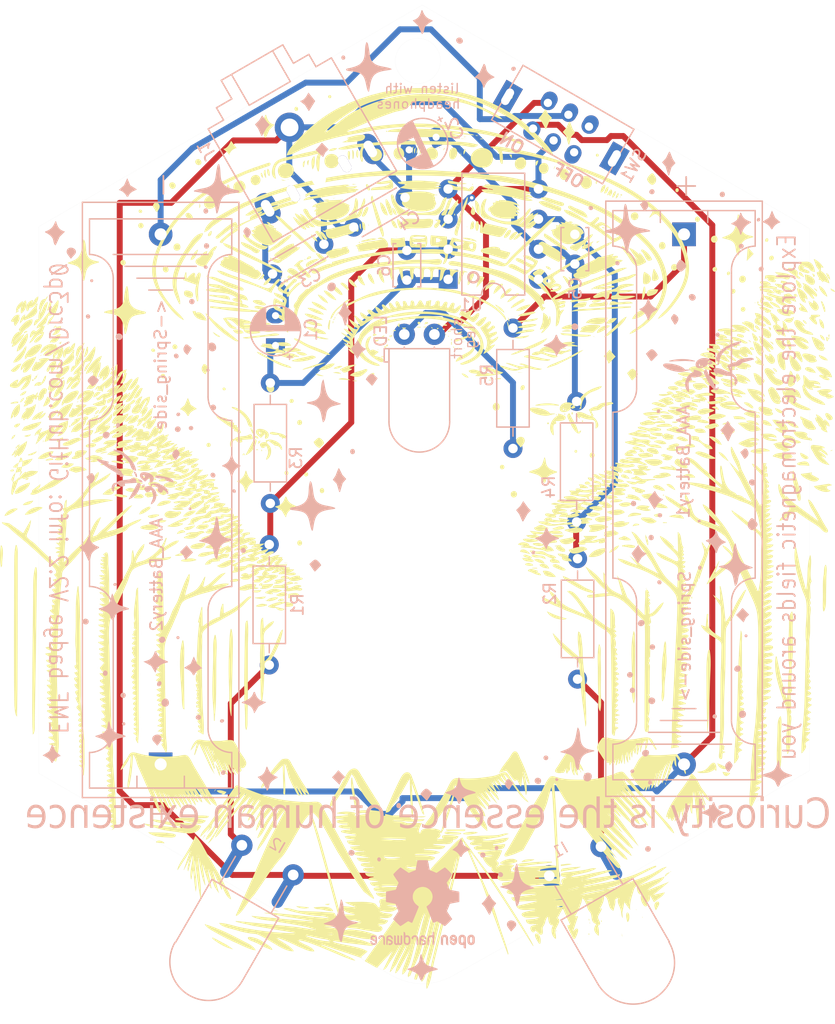
<source format=kicad_pcb>
(kicad_pcb (version 20240108) (generator "pcbnew") (generator_version "8.0")
  (layers (0 "F.Cu" signal) (31 "B.Cu" signal) (34 "B.Paste" user) (35 "F.Paste" user) (36 "B.SilkS" user "B.Silkscreen") (37 "F.SilkS" user "F.Silkscreen") (38 "B.Mask" user) (39 "F.Mask" user) (44 "Edge.Cuts" user))
  (net 0 "")
  (net 1 "+VDC")
  (net 2 "-VDC")
  (net 3 "Net-(C1-Pad2)")
  (net 4 "Net-(C2-Pad2)")
  (net 5 "GND")
  (net 6 "Net-(U1A--)")
  (net 7 "Net-(U1B--)")
  (net 10 "Net-(I1-Pad2)")
  (net 11 "Net-(I2-Pad2)")
  (net 12 "Net-(C1-Pad1)")
  (net 13 "Net-(C2-Pad1)")
  (net 14 "Net-(AAA_Battery1--)")
  (net 15 "Net-(AAA_Battery2--)")
  (net 18 "Net-(D1-A)")
  (footprint "Connector_Audio:Jack_3.5mm_CUI_SJ1-3525N_Horizontal" (layer "B.Cu") (at 150.740127 80.29 30)
    (property "Reference" "J1")
    (property "Value" "AudioJack2_Ground_Switch")
  )
  (footprint "Resistor_THT:R_Axial_DIN0207_L6.3mm_D2.5mm_P10.16mm_Horizontal" (layer "B.Cu") (at 174.975 113.57 90)
    (property "Reference" "R4")
    (property "Value" "100K")
  )
  (footprint "Button_Switch_THT:DPDT slide switch" (layer "B.Cu") (at 170.616604 80.580544 -30)
    (property "Reference" "SW1")
    (property "Value" "SW_DPDT_x2")
  )
  (footprint "Resistor_THT:R_Axial_DIN0207_L6.3mm_D2.5mm_P10.16mm_Horizontal" (layer "B.Cu") (at 169.60596 107.380047 90)
    (property "Reference" "R5")
    (property "Value" "100")
  )
  (footprint "Battery:BatteryHolder_Keystone_2466_1xAAA" (layer "B.Cu") (at 184.035 89.315 -90)
    (property "Reference" "AAA_Battery1")
    (property "Value" "Spring_side->")
  )
  (footprint "LED_THT:LED_D5.0mm_Horizontal_O1.27mm_Z9.0mm" (layer "B.Cu") (at 162.975 97.75 180)
    (property "Reference" "D1" (hide yes))
    (property "Value" "LED")
  )
  (footprint "Capacitor_THT:C_Disc_D4.3mm_W1.9mm_P5.00mm" (layer "B.Cu") (at 156.169937 88.71 30)
    (property "Reference" "C4")
    (property "Value" "10uF")
  )
  (footprint "Capacitor_THT:C_Disc_D3.4mm_W2.1mm_P2.50mm" (layer "B.Cu") (at 174.826284 89.317904 -90)
    (property "Reference" "C5")
    (property "Value" "10pF")
  )
  (footprint "Symbol:OSHW-Logo2_9.8x8mm_SilkScreen" (layer "B.Cu") (at 161.986079 145.813005 180)
    (property "Reference" "REF**" (hide yes))
    (property "Value" "OSHW-Logo2_9.8x8mm_SilkScreen" (hide yes))
  )
  (footprint "Package_DIP:DIP-8_W7.62mm" (layer "B.Cu") (at 164.1357 93.109634)
    (property "Reference" "U1")
    (property "Value" "NJM2115D" (hide yes))
  )
  (footprint "Inductor_THT:Inductor_D5.0mm_Horizontal_O3.81mm_Z9.0mm" (layer "B.Cu") (at 149.983826 142.7156 150)
    (property "Reference" "I2")
    (property "Value" "100mH")
  )
  (footprint "Capacitor_THT:C_Disc_D3.4mm_W2.1mm_P2.50mm" (layer "B.Cu") (at 160.654708 90.67263 -90)
    (property "Reference" "C6")
    (property "Value" "10pF")
  )
  (footprint "Resistor_THT:R_Axial_DIN0207_L6.3mm_D2.5mm_P10.16mm_Horizontal" (layer "B.Cu") (at 175.053918 126.828176 90)
    (property "Reference" "R2")
    (property "Value" "100")
  )
  (footprint "Capacitor_THT:CP_Radial_D4.0mm_P2.54mm" (layer "B.Cu") (at 149.575 98.4325 90)
    (property "Reference" "C1")
    (property "Value" "4.7u")
  )
  (footprint "Capacitor_THT:C_Disc_D4.3mm_W1.9mm_P5.00mm" (layer "B.Cu") (at 153.654836 90.155181 -150)
    (property "Reference" "C3")
    (property "Value" "10uF")
  )
  (footprint "Inductor_THT:Inductor_D5.0mm_Horizontal_O3.81mm_Z9.0mm" (layer "B.Cu") (at 175.895074 141.527821 -150)
    (property "Reference" "I1")
    (property "Value" "100mH")
  )
  (footprint "Resistor_THT:R_Axial_DIN0207_L6.3mm_D2.5mm_P10.16mm_Horizontal" (layer "B.Cu") (at 149.135 112.01 90)
    (property "Reference" "R3")
    (property "Value" "100K")
  )
  (footprint "Battery:BatteryHolder_Keystone_2466_1xAAA" (layer "B.Cu") (at 139.885 134.015 90)
    (property "Reference" "AAA_Battery2")
    (property "Value" "<-Spring_side")
  )
  (footprint "Resistor_THT:R_Axial_DIN0207_L6.3mm_D2.5mm_P10.16mm_Horizontal" (layer "B.Cu") (at 149.048751 125.637354 90)
    (property "Reference" "R1")
    (property "Value" "100")
  )
  (footprint "Capacitor_THT:CP_Radial_D4.0mm_P2.54mm" (layer "B.Cu") (at 162.891308 81.232773 -155)
    (property "Reference" "C2")
    (property "Value" "4.7u")
  )
  (gr_line (start 177.065 140.99) (end 178.325 143.25) (stroke (width 1)) (layer "B.Cu") (net 10))
  (gr_line (start 172.675 143.47) (end 173.935 145.73) (stroke (width 1)) (layer "B.Cu") (net 5))
  (gr_line (start 151.068608 143.399404) (end 149.741392 145.620596) (stroke (width 1)) (layer "B.Cu") (net 5))
  (gr_line (start 146.728608 140.869404) (end 145.401392 143.090596) (stroke (width 1)) (layer "B.Cu") (net 11))
  (gr_poly (pts (xy 183.734424 99.836199) (xy 183.601254 99.84305) (xy 183.467864 99.854161) (xy 183.334174 99.869493) (xy 183.200104 99.889008) (xy 183.06557 99.912671) (xy 182.930489 99.940443) (xy 182.794782 99.972287) (xy 182.794782 100.040706) (xy 184.151298 99.994354) (xy 184.936693 100.040706) (xy 184.936693 99.972287) (xy 184.801792 99.939141) (xy 184.667412 99.910588) (xy 184.533469 99.886592) (xy 184.399884 99.867114) (xy 184.266572 99.852116) (xy 184.133452 99.841563) (xy 184.000442 99.835417) (xy 183.86746 99.833641)) (fill solid) (layer "B.SilkS"))
  (gr_poly (pts (xy 171.320237 115.992389) (xy 171.305361 115.995234) (xy 171.290757 115.999458) (xy 171.276511 116.004972) (xy 171.262705 116.011681) (xy 171.249426 116.019498) (xy 171.236754 116.028333) (xy 171.224773 116.038095) (xy 171.213567 116.048692) (xy 171.203221 116.060036) (xy 171.193816 116.072036) (xy 171.185438 116.084601) (xy 171.178169 116.097641) (xy 171.172094 116.111067) (xy 171.167296 116.124787) (xy 171.163858 116.138711) (xy 171.161863 116.152749) (xy 171.161395 116.16681) (xy 171.16254 116.180806) (xy 171.165378 116.194644) (xy 171.169995 116.208233) (xy 171.176473 116.221485) (xy 171.184897 116.23431) (xy 171.19535 116.246616) (xy 171.207915 116.258314) (xy 171.222675 116.269313) (xy 171.239412 116.279415) (xy 171.256128 116.287435) (xy 171.272762 116.293466) (xy 171.289245 116.297599) (xy 171.305513 116.299928) (xy 171.321503 116.300544) (xy 171.337146 116.299541) (xy 171.352377 116.297011) (xy 171.367134 116.293047) (xy 171.381349 116.287738) (xy 171.394958 116.281182) (xy 171.407894 116.273469) (xy 171.420095 116.264689) (xy 171.431492 116.254939) (xy 171.442021 116.244309) (xy 171.451618 116.232891) (xy 171.460217 116.220779) (xy 171.467752 116.208065) (xy 171.474158 116.194842) (xy 171.47937 116.181202) (xy 171.483323 116.167235) (xy 171.485952 116.153039) (xy 171.48719 116.138701) (xy 171.486974 116.124317) (xy 171.485237 116.109978) (xy 171.481914 116.095778) (xy 171.47694 116.081807) (xy 171.470249 116.06816) (xy 171.461778 116.054928) (xy 171.451459 116.042204) (xy 171.439229 116.03008) (xy 171.425022 116.01865) (xy 171.410567 116.009318) (xy 171.395803 116.001997) (xy 171.380811 115.996596) (xy 171.365675 115.993024) (xy 171.350479 115.991194) (xy 171.335304 115.991011)) (fill solid) (layer "B.SilkS"))
  (gr_poly (pts (xy 135.518935 130.368843) (xy 135.507812 130.388908) (xy 135.488322 130.430258) (xy 135.472081 130.473061) (xy 135.458582 130.517114) (xy 135.447314 130.562211) (xy 135.437771 130.608149) (xy 135.42182 130.701723) (xy 135.406658 130.796197) (xy 135.398103 130.843259) (xy 135.388219 130.889931) (xy 135.376498 130.936008) (xy 135.36243 130.981288) (xy 135.345508 131.025561) (xy 135.325222 131.068625) (xy 135.307615 131.100303) (xy 135.288748 131.130552) (xy 135.268674 131.159422) (xy 135.247442 131.186963) (xy 135.225102 131.213219) (xy 135.201707 131.238245) (xy 135.151951 131.284793) (xy 135.098574 131.326998) (xy 135.041986 131.365254) (xy 134.98259 131.399951) (xy 134.920788 131.431482) (xy 134.856989 131.46024) (xy 134.791595 131.486614) (xy 134.725012 131.510998) (xy 134.657645 131.533786) (xy 134.388428 131.616796) (xy 134.388428 131.68529) (xy 134.61893 131.759399) (xy 134.7385 131.799799) (xy 134.798121 131.821564) (xy 134.85716 131.844652) (xy 134.915259 131.869268) (xy 134.972064 131.895622) (xy 135.02722 131.923923) (xy 135.080369 131.954378) (xy 135.131159 131.987194) (xy 135.179233 132.022582) (xy 135.224235 132.060748) (xy 135.245475 132.080939) (xy 135.265811 132.101902) (xy 135.273754 132.111348) (xy 135.281636 132.122396) (xy 135.297251 132.148814) (xy 135.312736 132.18019) (xy 135.328169 132.215556) (xy 135.359197 132.294393) (xy 135.39096 132.377591) (xy 135.407315 132.418411) (xy 135.424089 132.45742) (xy 135.441363 132.493653) (xy 135.459214 132.526143) (xy 135.46838 132.540683) (xy 135.47772 132.553924) (xy 135.487243 132.565746) (xy 135.496962 132.57603) (xy 135.506882 132.584651) (xy 135.517015 132.591491) (xy 135.527372 132.59643) (xy 135.53796 132.599345) (xy 135.547654 132.599783) (xy 135.557393 132.597854) (xy 135.567171 132.593699) (xy 135.576974 132.587457) (xy 135.586796 132.579267) (xy 135.596626 132.569271) (xy 135.616275 132.544417) (xy 135.635842 132.514016) (xy 135.655252 132.479186) (xy 135.674429 132.441049) (xy 135.693294 132.400723) (xy 135.764134 132.239944) (xy 135.780306 132.205479) (xy 135.795709 132.175547) (xy 135.810269 132.151267) (xy 135.823906 132.133759) (xy 135.878085 132.081735) (xy 135.935758 132.034957) (xy 135.99659 131.992987) (xy 136.060249 131.955386) (xy 136.126402 131.921716) (xy 136.194713 131.891537) (xy 136.26485 131.864411) (xy 136.336481 131.839902) (xy 136.40927 131.817567) (xy 136.482883 131.796968) (xy 136.631254 131.759228) (xy 136.778923 131.723172) (xy 136.923225 131.68529) (xy 136.923225 131.616796) (xy 136.856366 131.583495) (xy 136.787575 131.554469) (xy 136.717248 131.52887) (xy 136.645777 131.50586) (xy 136.356363 131.422837) (xy 136.2851 131.400123) (xy 136.215064 131.374942) (xy 136.146647 131.34645) (xy 136.080246 131.313805) (xy 136.047925 131.295662) (xy 136.016254 131.276164) (xy 135.985286 131.255207) (xy 135.955068 131.232684) (xy 135.92565 131.208491) (xy 135.897081 131.182523) (xy 135.86941 131.154674) (xy 135.842688 131.12484) (xy 135.813307 131.08695) (xy 135.786253 131.045757) (xy 135.761309 131.001665) (xy 135.738262 130.955081) (xy 135.716893 130.90641) (xy 135.69699 130.856057) (xy 135.678335 130.804426) (xy 135.660714 130.751926) (xy 135.596246 130.541322) (xy 135.564605 130.441337) (xy 135.548179 130.394091) (xy 135.53106 130.349218)) (fill solid) (layer "B.SilkS"))
  (gr_poly (pts (xy 188.958952 129.48583) (xy 188.92421 129.490802) (xy 188.886753 129.499783) (xy 188.852331 129.511548) (xy 188.820897 129.525881) (xy 188.792403 129.542564) (xy 188.766802 129.561386) (xy 188.744049 129.582127) (xy 188.724096 129.604575) (xy 188.706895 129.628513) (xy 188.692399 129.653727) (xy 188.680563 129.679999) (xy 188.671337 129.707115) (xy 188.664678 129.734861) (xy 188.660536 129.76302) (xy 188.658866 129.791377) (xy 188.659618 129.819715) (xy 188.662748 129.847823) (xy 188.668209 129.875479) (xy 188.675953 129.902474) (xy 188.685933 129.928589) (xy 188.698102 129.953609) (xy 188.712413 129.977319) (xy 188.72882 129.999504) (xy 188.747275 130.019949) (xy 188.767732 130.038436) (xy 188.790143 130.054752) (xy 188.814462 130.068681) (xy 188.840641 130.080008) (xy 188.868635 130.088517) (xy 188.898395 130.093992) (xy 188.929874 130.096219) (xy 188.963026 130.094982) (xy 188.997805 130.090065) (xy 189.034148 130.081372) (xy 189.067599 130.069856) (xy 189.098196 130.055733) (xy 189.125981 130.039222) (xy 189.150991 130.020541) (xy 189.173269 129.999904) (xy 189.192854 129.977534) (xy 189.209785 129.953645) (xy 189.224103 129.928457) (xy 189.235848 129.902185) (xy 189.24506 129.875049) (xy 189.251779 129.847265) (xy 189.256045 129.819052) (xy 189.257897 129.790625) (xy 189.257377 129.762205) (xy 189.254523 129.734008) (xy 189.249377 129.706252) (xy 189.241976 129.679155) (xy 189.232364 129.652933) (xy 189.220578 129.627805) (xy 189.206659 129.603988) (xy 189.190647 129.581701) (xy 189.172582 129.56116) (xy 189.152504 129.542583) (xy 189.130452 129.526189) (xy 189.106468 129.512194) (xy 189.080591 129.500816) (xy 189.052861 129.492273) (xy 189.023317 129.486782) (xy 188.992001 129.484562)) (fill solid) (layer "B.SilkS"))
  (gr_poly (pts (xy 147.715133 127.963477) (xy 147.698819 128.011542) (xy 147.681497 128.057094) (xy 147.663166 128.100242) (xy 147.64382 128.141091) (xy 147.623461 128.179753) (xy 147.602084 128.216331) (xy 147.579688 128.250935) (xy 147.55627 128.283673) (xy 147.531829 128.314653) (xy 147.506363 128.343981) (xy 147.479869 128.371766) (xy 147.423788 128.423138) (xy 147.363569 128.469628) (xy 147.299196 128.5121) (xy 147.230649 128.551416) (xy 147.157914 128.588435) (xy 147.080971 128.624023) (xy 146.914395 128.694344) (xy 146.730779 128.769273) (xy 146.730779 128.8378) (xy 146.829758 128.8617) (xy 146.925046 128.88678) (xy 147.016452 128.913633) (xy 147.103791 128.942854) (xy 147.186873 128.975035) (xy 147.265512 129.010772) (xy 147.303106 129.030158) (xy 147.339518 129.050657) (xy 147.374726 129.072341) (xy 147.408704 129.095283) (xy 147.44143 129.11956) (xy 147.472882 129.145245) (xy 147.503034 129.172412) (xy 147.531863 129.201138) (xy 147.559346 129.231491) (xy 147.585459 129.263552) (xy 147.610179 129.297391) (xy 147.633483 129.333083) (xy 147.655346 129.370703) (xy 147.675746 129.410325) (xy 147.694658 129.452022) (xy 147.71206 129.495871) (xy 147.727927 129.541942) (xy 147.742238 129.590314) (xy 147.754965 129.641057) (xy 147.766089 129.694248) (xy 147.801734 129.694248) (xy 148.132908 129.141997) (xy 148.801015 128.769273) (xy 148.696865 128.745914) (xy 148.600474 128.720853) (xy 148.511435 128.693592) (xy 148.429339 128.663635) (xy 148.353778 128.630483) (xy 148.318321 128.612553) (xy 148.284346 128.593639) (xy 148.251801 128.573678) (xy 148.220634 128.552608) (xy 148.190796 128.530365) (xy 148.162235 128.50689) (xy 148.134899 128.482118) (xy 148.10874 128.455989) (xy 148.083705 128.42844) (xy 148.059744 128.399408) (xy 148.036805 128.368832) (xy 148.014837 128.33665) (xy 147.993789 128.302798) (xy 147.973612 128.267216) (xy 147.954254 128.229841) (xy 147.935662 128.190611) (xy 147.900578 128.106336) (xy 147.867954 128.013896) (xy 147.837382 127.912791) (xy 147.73044 127.912791)) (fill solid) (layer "B.SilkS"))
  (gr_poly (pts (xy 142.486604 94.762874) (xy 142.465995 94.766828) (xy 142.446112 94.772788) (xy 142.427038 94.780627) (xy 142.408857 94.790211) (xy 142.391653 94.80141) (xy 142.375508 94.814094) (xy 142.360507 94.828133) (xy 142.346735 94.843393) (xy 142.334275 94.859748) (xy 142.323208 94.877063) (xy 142.313621 94.895209) (xy 142.305598 94.914056) (xy 142.29922 94.933472) (xy 142.294572 94.953327) (xy 142.291739 94.973489) (xy 142.290801 94.993829) (xy 142.291848 95.014216) (xy 142.294958 95.034518) (xy 142.300217 95.054604) (xy 142.307709 95.074346) (xy 142.317517 95.093612) (xy 142.329725 95.112269) (xy 142.344416 95.130189) (xy 142.361675 95.147239) (xy 142.381586 95.163291) (xy 142.404231 95.178211) (xy 142.429933 95.191965) (xy 142.455168 95.2025) (xy 142.47986 95.209967) (xy 142.503934 95.214524) (xy 142.527317 95.216323) (xy 142.549932 95.215522) (xy 142.571701 95.212273) (xy 142.592553 95.206734) (xy 142.612408 95.199056) (xy 142.631194 95.189397) (xy 142.648833 95.177909) (xy 142.665252 95.16475) (xy 142.680372 95.150072) (xy 142.694122 95.13403) (xy 142.706421 95.11678) (xy 142.717198 95.098477) (xy 142.726376 95.079274) (xy 142.733879 95.059328) (xy 142.739632 95.038792) (xy 142.74356 95.017822) (xy 142.745585 94.996573) (xy 142.745635 94.975198) (xy 142.743632 94.953854) (xy 142.739502 94.932693) (xy 142.733168 94.911873) (xy 142.724556 94.891546) (xy 142.713589 94.871869) (xy 142.700193 94.852995) (xy 142.68429 94.835081) (xy 142.665808 94.81828) (xy 142.644669 94.802747) (xy 142.620799 94.788636) (xy 142.597597 94.777798) (xy 142.574617 94.769752) (xy 142.551944 94.764368) (xy 142.529662 94.761514) (xy 142.507853 94.76106)) (fill solid) (layer "B.SilkS"))
  (gr_poly (pts (xy 187.831267 133.771541) (xy 187.801746 133.786175) (xy 187.773428 133.801487) (xy 187.746346 133.81746) (xy 187.720531 133.83408) (xy 187.696016 133.851331) (xy 187.672833 133.869199) (xy 187.651015 133.887666) (xy 187.630596 133.906723) (xy 187.611607 133.92635) (xy 187.594081 133.946536) (xy 187.578051 133.967264) (xy 187.563548 133.98852) (xy 187.550607 134.010286) (xy 187.53926 134.032553) (xy 187.529538 134.055301) (xy 187.521473 134.078518) (xy 187.515101 134.102187) (xy 187.510452 134.126295) (xy 187.50756 134.150827) (xy 187.506456 134.175768) (xy 187.507174 134.201102) (xy 187.509746 134.226815) (xy 187.514204 134.252893) (xy 187.520582 134.27932) (xy 187.528911 134.306081) (xy 187.539225 134.333162) (xy 187.551557 134.360547) (xy 187.565936 134.388223) (xy 187.582399 134.416173) (xy 187.600976 134.444383) (xy 187.608571 134.455923) (xy 187.616255 134.46856) (xy 187.632074 134.496267) (xy 187.648818 134.525775) (xy 187.657654 134.540665) (xy 187.666866 134.555355) (xy 187.676501 134.56963) (xy 187.686604 134.583276) (xy 187.697226 134.596073) (xy 187.702747 134.602087) (xy 187.708415 134.607808) (xy 187.714235 134.613209) (xy 187.720215 134.618263) (xy 187.72636 134.622943) (xy 187.732678 134.627223) (xy 187.739172 134.631073) (xy 187.74585 134.634469) (xy 187.752716 134.637383) (xy 187.759779 134.639788) (xy 187.76928 134.642062) (xy 187.778497 134.643144) (xy 187.787436 134.643098) (xy 187.796105 134.641984) (xy 187.804511 134.639865) (xy 187.81266 134.636803) (xy 187.820558 134.632861) (xy 187.828215 134.628099) (xy 187.835634 134.622581) (xy 187.842825 134.616368) (xy 187.849793 134.609525) (xy 187.856545 134.602111) (xy 187.869432 134.585822) (xy 187.881536 134.567998) (xy 187.956837 134.429852) (xy 188.001208 134.366652) (xy 188.038593 134.311196) (xy 188.069111 134.262405) (xy 188.08183 134.240172) (xy 188.092876 134.219202) (xy 188.102264 134.199359) (xy 188.110007 134.18051) (xy 188.11612 134.162518) (xy 188.120619 134.145249) (xy 188.123517 134.128571) (xy 188.124828 134.112344) (xy 188.124567 134.096438) (xy 188.12275 134.080717) (xy 188.119391 134.065046) (xy 188.114503 134.04929) (xy 188.108102 134.033313) (xy 188.100202 134.016983) (xy 188.090817 134.000163) (xy 188.079963 133.98272) (xy 188.053904 133.945425) (xy 188.02214 133.904019) (xy 187.984787 133.857424) (xy 187.893783 133.744356)) (fill solid) (layer "B.SilkS"))
  (gr_poly (pts (xy 155.936687 141.228751) (xy 155.913073 141.232949) (xy 155.890644 141.239499) (xy 155.869456 141.248238) (xy 155.84956 141.259006) (xy 155.831012 141.27164) (xy 155.813865 141.285978) (xy 155.798174 141.301858) (xy 155.783989 141.319118) (xy 155.771368 141.337596) (xy 155.760361 141.357129) (xy 155.751026 141.377556) (xy 155.743413 141.398716) (xy 155.737578 141.420445) (xy 155.733573 141.442581) (xy 155.731454 141.464964) (xy 155.731272 141.48743) (xy 155.733083 141.509818) (xy 155.736939 141.531964) (xy 155.742896 141.55371) (xy 155.751005 141.57489) (xy 155.761321 141.595344) (xy 155.773899 141.614908) (xy 155.788791 141.633423) (xy 155.806049 141.650724) (xy 155.825732 141.666651) (xy 155.84789 141.681041) (xy 155.872578 141.693733) (xy 155.90173 141.705405) (xy 155.930234 141.713745) (xy 155.958007 141.71892) (xy 155.984966 141.721099) (xy 156.011026 141.720448) (xy 156.036105 141.717139) (xy 156.060119 141.711338) (xy 156.082985 141.703214) (xy 156.104621 141.692934) (xy 156.124941 141.680669) (xy 156.143862 141.666584) (xy 156.161303 141.650848) (xy 156.177179 141.633631) (xy 156.191407 141.6151) (xy 156.203904 141.595425) (xy 156.214584 141.574771) (xy 156.223368 141.553309) (xy 156.230171 141.531205) (xy 156.234908 141.50863) (xy 156.237496 141.48575) (xy 156.237854 141.462735) (xy 156.235896 141.439751) (xy 156.231541 141.416969) (xy 156.224704 141.394555) (xy 156.215301 141.372678) (xy 156.203252 141.351508) (xy 156.18847 141.33121) (xy 156.170873 141.311955) (xy 156.150378 141.293909) (xy 156.126901 141.277243) (xy 156.100359 141.262123) (xy 156.070669 141.248718) (xy 156.041931 141.238724) (xy 156.01411 141.231892) (xy 155.98726 141.228061) (xy 155.961434 141.227068)) (fill solid) (layer "B.SilkS"))
  (gr_poly (pts (xy 136.797653 85.188244) (xy 136.356585 85.569363) (xy 136.415 85.59) (xy 136.471258 85.61249) (xy 136.525363 85.63689) (xy 136.577321 85.66325) (xy 136.627135 85.691622) (xy 136.67481 85.722061) (xy 136.720348 85.754619) (xy 136.763757 85.789348) (xy 136.805037 85.826301) (xy 136.844196 85.865534) (xy 136.881236 85.907094) (xy 136.916162 85.951038) (xy 136.948977 85.997418) (xy 136.979686 86.046286) (xy 137.008296 86.097695) (xy 137.034806 86.151699) (xy 137.1419 86.151699) (xy 137.154096 86.118702) (xy 137.167233 86.087134) (xy 137.181291 86.056941) (xy 137.196246 86.028068) (xy 137.212076 86.000461) (xy 137.228763 85.974064) (xy 137.24628 85.948825) (xy 137.26461 85.924689) (xy 137.283729 85.901602) (xy 137.303616 85.879509) (xy 137.324248 85.858357) (xy 137.345606 85.838089) (xy 137.367667 85.818654) (xy 137.390408 85.799995) (xy 137.437848 85.764792) (xy 137.487752 85.732048) (xy 137.539948 85.701325) (xy 137.594261 85.672191) (xy 137.650519 85.644212) (xy 137.768176 85.589979) (xy 137.891532 85.535152) (xy 137.319797 85.179784) (xy 137.070494 84.576109)) (fill solid) (layer "B.SilkS"))
  (gr_poly (pts (xy 133.740304 114.908938) (xy 133.716948 114.98661) (xy 133.69228 115.060488) (xy 133.665777 115.130592) (xy 133.636909 115.196939) (xy 133.605155 115.259545) (xy 133.588029 115.289452) (xy 133.569986 115.31843) (xy 133.550956 115.346483) (xy 133.530876 115.373612) (xy 133.509681 115.399819) (xy 133.487304 115.425107) (xy 133.463678 115.449478) (xy 133.43874 115.472935) (xy 133.412423 115.495478) (xy 133.384661 115.517112) (xy 133.355388 115.537836) (xy 133.324539 115.557656) (xy 133.292049 115.576571) (xy 133.25785 115.594585) (xy 133.22188 115.6117) (xy 133.18407 115.627918) (xy 133.144355 115.643241) (xy 133.102671 115.657671) (xy 133.058949 115.671211) (xy 133.013127 115.683863) (xy 133.467343 116.132669) (xy 133.798521 116.848912) (xy 133.817534 116.840695) (xy 133.83509 116.831129) (xy 133.851269 116.820283) (xy 133.866141 116.808227) (xy 133.879784 116.795035) (xy 133.892272 116.780775) (xy 133.903679 116.765518) (xy 133.914081 116.749333) (xy 133.923553 116.732294) (xy 133.93217 116.71447) (xy 133.947136 116.676748) (xy 133.959579 116.636732) (xy 133.970097 116.594989) (xy 134.004911 116.42202) (xy 134.014795 116.380105) (xy 134.026348 116.339849) (xy 134.040171 116.301817) (xy 134.048122 116.283812) (xy 134.056863 116.266574) (xy 134.083212 116.222027) (xy 134.112246 116.179641) (xy 134.143773 116.139305) (xy 134.177593 116.100915) (xy 134.213511 116.06436) (xy 134.251332 116.029535) (xy 134.290855 115.996332) (xy 134.331887 115.964641) (xy 134.37423 115.934355) (xy 134.41769 115.905367) (xy 134.462066 115.877569) (xy 134.507166 115.850853) (xy 134.598745 115.800238) (xy 134.690853 115.752657) (xy 134.690853 115.683863) (xy 134.600661 115.650581) (xy 134.517501 115.616419) (xy 134.440915 115.580985) (xy 134.37044 115.543892) (xy 134.305619 115.50475) (xy 134.245991 115.463167) (xy 134.191096 115.418755) (xy 134.140475 115.371126) (xy 134.093669 115.319886) (xy 134.050214 115.26465) (xy 134.009654 115.205027) (xy 133.971529 115.140625) (xy 133.935377 115.071058) (xy 133.90074 114.995934) (xy 133.867158 114.914863) (xy 133.83417 114.827457) (xy 133.762873 114.827457)) (fill solid) (layer "B.SilkS"))
  (gr_poly (pts (xy 186.457086 137.261513) (xy 186.44079 137.309577) (xy 186.423486 137.355127) (xy 186.405169 137.398272) (xy 186.38584 137.439121) (xy 186.365494 137.477779) (xy 186.344133 137.514356) (xy 186.32175 137.548961) (xy 186.298347 137.581698) (xy 186.273918 137.612677) (xy 186.248462 137.642005) (xy 186.221978 137.669789) (xy 186.165915 137.721161) (xy 186.105711 137.76765) (xy 186.041348 137.810123) (xy 185.972809 137.849438) (xy 185.900074 137.886458) (xy 185.823128 137.922042) (xy 185.656529 137.992357) (xy 185.472871 138.067275) (xy 185.472871 138.135807) (xy 185.571849 138.159707) (xy 185.667139 138.184787) (xy 185.758549 138.211641) (xy 185.845894 138.240864) (xy 185.928981 138.273048) (xy 186.007624 138.308786) (xy 186.04522 138.328175) (xy 186.081634 138.348674) (xy 186.116843 138.37036) (xy 186.150821 138.393304) (xy 186.183548 138.417583) (xy 186.214997 138.44327) (xy 186.245147 138.470439) (xy 186.273973 138.499164) (xy 186.301452 138.529521) (xy 186.327562 138.561582) (xy 186.352276 138.595421) (xy 186.375571 138.631115) (xy 186.397426 138.668736) (xy 186.417815 138.708358) (xy 186.436716 138.750057) (xy 186.454104 138.793906) (xy 186.469957 138.839978) (xy 186.484249 138.888349) (xy 186.49696 138.939094) (xy 186.508063 138.992284) (xy 186.543746 138.992284) (xy 186.875 138.44) (xy 187.543253 138.067275) (xy 187.439102 138.043918) (xy 187.342706 138.018859) (xy 187.253655 137.9916) (xy 187.171545 137.961645) (xy 187.095969 137.928496) (xy 187.060504 137.910569) (xy 187.026518 137.891656) (xy 186.993964 137.871697) (xy 186.962788 137.850628) (xy 186.932942 137.828388) (xy 186.904371 137.804914) (xy 186.877027 137.780144) (xy 186.850859 137.754016) (xy 186.825817 137.726469) (xy 186.801848 137.697439) (xy 186.778902 137.666864) (xy 186.756927 137.634684) (xy 186.735875 137.600833) (xy 186.715693 137.565253) (xy 186.69633 137.527878) (xy 186.677737 137.48865) (xy 186.642652 137.404377) (xy 186.610034 137.311936) (xy 186.579471 137.21083) (xy 186.472377 137.21083)) (fill solid) (layer "B.SilkS"))
  (gr_poly (pts (xy 181.925557 118.484057) (xy 181.908442 118.48628) (xy 181.892183 118.490271) (xy 181.876824 118.495913) (xy 181.862409 118.50309) (xy 181.84898 118.511684) (xy 181.83658 118.521577) (xy 181.825252 118.532652) (xy 181.81504 118.544794) (xy 181.805986 118.557885) (xy 181.798133 118.571808) (xy 181.791524 118.586446) (xy 181.786203 118.601681) (xy 181.782211 118.617396) (xy 181.779592 118.633475) (xy 181.77839 118.649802) (xy 181.778648 118.666257) (xy 181.780405 118.682725) (xy 181.78371 118.699089) (xy 181.788601 118.715232) (xy 181.795124 118.731035) (xy 181.803321 118.746383) (xy 181.813235 118.761159) (xy 181.824909 118.775245) (xy 181.838385 118.788525) (xy 181.853708 118.80088) (xy 181.870919 118.812195) (xy 181.890063 118.822353) (xy 181.91083 118.831092) (xy 181.930968 118.837416) (xy 181.950431 118.841446) (xy 181.969174 118.843301) (xy 181.987154 118.843103) (xy 182.004327 118.840974) (xy 182.020648 118.837033) (xy 182.036073 118.831402) (xy 182.050558 118.824201) (xy 182.064059 118.815552) (xy 182.076529 118.805576) (xy 182.087928 118.794394) (xy 182.09821 118.782124) (xy 182.10733 118.768891) (xy 182.115245 118.754815) (xy 182.12191 118.740014) (xy 182.127282 118.724612) (xy 182.131314 118.70873) (xy 182.133964 118.692486) (xy 182.135188 118.676003) (xy 182.134941 118.659402) (xy 182.133178 118.642803) (xy 182.129857 118.626328) (xy 182.124932 118.610098) (xy 182.118358 118.594232) (xy 182.110094 118.578852) (xy 182.100092 118.56408) (xy 182.088311 118.550035) (xy 182.074704 118.53684) (xy 182.059229 118.524615) (xy 182.041841 118.51348) (xy 182.022495 118.503556) (xy 182.001737 118.495184) (xy 181.98162 118.489166) (xy 181.962191 118.485382) (xy 181.943488 118.483719)) (fill solid) (layer "B.SilkS"))
  (gr_poly (pts (xy 145.171285 134.504222) (xy 145.151616 134.507073) (xy 145.132681 134.511914) (xy 145.11454 134.518612) (xy 145.097254 134.52703) (xy 145.080881 134.537034) (xy 145.065486 134.54849) (xy 145.051127 134.561261) (xy 145.037865 134.575213) (xy 145.025761 134.590211) (xy 145.014874 134.606119) (xy 145.005265 134.622804) (xy 144.996997 134.64013) (xy 144.990129 134.657962) (xy 144.98472 134.676163) (xy 144.980833 134.694602) (xy 144.978528 134.71314) (xy 144.977866 134.731645) (xy 144.978905 134.749982) (xy 144.981707 134.768012) (xy 144.986334 134.785606) (xy 144.992847 134.802624) (xy 145.001303 134.818934) (xy 145.011765 134.834399) (xy 145.024294 134.848884) (xy 145.03895 134.862256) (xy 145.055794 134.874379) (xy 145.074885 134.885117) (xy 145.096286 134.894336) (xy 145.117722 134.901026) (xy 145.138752 134.905129) (xy 145.15931 134.906784) (xy 145.179331 134.906131) (xy 145.198747 134.903308) (xy 145.217496 134.898454) (xy 145.235511 134.891711) (xy 145.252728 134.883215) (xy 145.269078 134.873105) (xy 145.284498 134.861522) (xy 145.298925 134.848605) (xy 145.31229 134.834492) (xy 145.324528 134.819322) (xy 145.335574 134.803235) (xy 145.345364 134.786371) (xy 145.353831 134.768868) (xy 145.360911 134.750864) (xy 145.366537 134.7325) (xy 145.370644 134.713914) (xy 145.373167 134.695245) (xy 145.374041 134.676633) (xy 145.373201 134.658216) (xy 145.370579 134.640134) (xy 145.366113 134.622527) (xy 145.359733 134.605534) (xy 145.351379 134.589292) (xy 145.340983 134.573941) (xy 145.328479 134.55962) (xy 145.313803 134.54647) (xy 145.296888 134.534629) (xy 145.27767 134.524235) (xy 145.256083 134.515426) (xy 145.234086 134.508965) (xy 145.21258 134.505033) (xy 145.191627 134.503496)) (fill solid) (layer "B.SilkS"))
  (gr_poly (pts (xy 133.740664 96.062028) (xy 133.720708 96.065268) (xy 133.698332 96.0712) (xy 133.678035 96.078834) (xy 133.659775 96.088032) (xy 133.643504 96.098657) (xy 133.629183 96.110572) (xy 133.616764 96.12364) (xy 133.606206 96.137726) (xy 133.597466 96.15269) (xy 133.590498 96.168396) (xy 133.58526 96.184707) (xy 133.581707 96.201486) (xy 133.579797 96.218595) (xy 133.579485 96.2359) (xy 133.580728 96.25326) (xy 133.583482 96.27054) (xy 133.587704 96.287602) (xy 133.59335 96.304309) (xy 133.600375 96.320526) (xy 133.608737 96.336113) (xy 133.618393 96.350934) (xy 133.629298 96.364853) (xy 133.641409 96.377731) (xy 133.65468 96.389432) (xy 133.669072 96.39982) (xy 133.684537 96.408756) (xy 133.701032 96.416105) (xy 133.718516 96.421727) (xy 133.736944 96.425487) (xy 133.756271 96.427247) (xy 133.776456 96.426872) (xy 133.797452 96.424222) (xy 133.819217 96.419162) (xy 133.838772 96.412512) (xy 133.856495 96.404372) (xy 133.872423 96.39486) (xy 133.886595 96.384098) (xy 133.899047 96.372206) (xy 133.909815 96.359306) (xy 133.918938 96.345518) (xy 133.926453 96.330963) (xy 133.932395 96.315761) (xy 133.936802 96.300033) (xy 133.939713 96.283899) (xy 133.941164 96.267481) (xy 133.941191 96.2509) (xy 133.939832 96.234277) (xy 133.937126 96.217729) (xy 133.933107 96.201381) (xy 133.927813 96.18535) (xy 133.921283 96.169761) (xy 133.913551 96.154732) (xy 133.904657 96.140383) (xy 133.894636 96.126837) (xy 133.883527 96.114213) (xy 133.871366 96.102632) (xy 133.858189 96.092215) (xy 133.844036 96.083084) (xy 133.828941 96.075356) (xy 133.812945 96.069156) (xy 133.796081 96.064602) (xy 133.778388 96.061816) (xy 133.759904 96.060917)) (fill solid) (layer "B.SilkS"))
  (gr_poly (pts (xy 134.059772 93.094343) (xy 134.047354 93.095961) (xy 134.03534 93.098815) (xy 134.02378 93.102824) (xy 134.012722 93.107913) (xy 134.002219 93.114) (xy 133.992317 93.121009) (xy 133.983068 93.128862) (xy 133.974522 93.137479) (xy 133.966727 93.146785) (xy 133.959733 93.156697) (xy 133.953591 93.16714) (xy 133.94835 93.178035) (xy 133.944059 93.189303) (xy 133.940769 93.200869) (xy 133.938528 93.21265) (xy 133.937388 93.224571) (xy 133.937396 93.23655) (xy 133.938604 93.248514) (xy 133.941061 93.260381) (xy 133.944816 93.272075) (xy 133.949919 93.283515) (xy 133.95642 93.294625) (xy 133.964368 93.305326) (xy 133.973814 93.315539) (xy 133.984807 93.325187) (xy 133.997396 93.334191) (xy 134.011167 93.342193) (xy 134.024849 93.34839) (xy 134.03839 93.352865) (xy 134.051738 93.355704) (xy 134.064845 93.356992) (xy 134.077658 93.356812) (xy 134.090125 93.355251) (xy 134.102197 93.352392) (xy 134.11382 93.348322) (xy 134.124946 93.343123) (xy 134.135521 93.336882) (xy 134.145496 93.329681) (xy 134.154817 93.321607) (xy 134.163436 93.312746) (xy 134.1713 93.303179) (xy 134.178359 93.292993) (xy 134.18456 93.282273) (xy 134.189855 93.271103) (xy 134.19419 93.259568) (xy 134.197515 93.247753) (xy 134.199777 93.235741) (xy 134.200929 93.22362) (xy 134.200914 93.211471) (xy 134.199686 93.199381) (xy 134.197192 93.187436) (xy 134.193381 93.175717) (xy 134.188199 93.164312) (xy 134.1816 93.153304) (xy 134.173529 93.14278) (xy 134.163937 93.132821) (xy 134.152772 93.123514) (xy 134.139981 93.114944) (xy 134.126183 93.107511) (xy 134.11249 93.101782) (xy 134.098953 93.097678) (xy 134.085622 93.095123) (xy 134.072544 93.094038)) (fill solid) (layer "B.SilkS"))
  (gr_poly (pts (xy 185.879324 100.702218) (xy 185.859722 100.713213) (xy 185.841488 100.724457) (xy 185.824594 100.735956) (xy 185.809011 100.747709) (xy 185.794712 100.759722) (xy 185.781668 100.771996) (xy 185.769852 100.784533) (xy 185.759236 100.797336) (xy 185.74979 100.810408) (xy 185.741487 100.823752) (xy 185.734301 100.837369) (xy 185.728199 100.851264) (xy 185.723159 100.865436) (xy 185.719148 100.87989) (xy 185.716141 100.894629) (xy 185.714108 100.909655) (xy 185.713021 100.924968) (xy 185.712854 100.940575) (xy 185.713577 100.956475) (xy 185.715162 100.972674) (xy 185.717582 100.989171) (xy 185.720808 101.005969) (xy 185.724812 101.023074) (xy 185.729566 101.040484) (xy 185.735042 101.058205) (xy 185.748049 101.094585) (xy 185.763607 101.132235) (xy 185.781491 101.171175) (xy 185.934972 101.490938) (xy 186.02353 101.66567) (xy 186.070823 101.753781) (xy 186.120146 101.841257) (xy 186.171518 101.927249) (xy 186.224955 102.01091) (xy 186.280473 102.091392) (xy 186.338091 102.167847) (xy 186.397824 102.239426) (xy 186.45969 102.305282) (xy 186.523705 102.364564) (xy 186.589885 102.416426) (xy 186.608746 102.428993) (xy 186.6273 102.439762) (xy 186.645536 102.448786) (xy 186.663436 102.456122) (xy 186.680987 102.461825) (xy 186.698176 102.465947) (xy 186.714988 102.468545) (xy 186.731408 102.469676) (xy 186.747424 102.469392) (xy 186.763018 102.467749) (xy 186.77818 102.464801) (xy 186.792894 102.460606) (xy 186.807145 102.455215) (xy 186.820921 102.448686) (xy 186.834207 102.441072) (xy 186.846987 102.432429) (xy 186.859248 102.422812) (xy 186.870977 102.412275) (xy 186.882158 102.400873) (xy 186.892778 102.388664) (xy 186.902823 102.375698) (xy 186.912278 102.362034) (xy 186.921129 102.347725) (xy 186.929362 102.332827) (xy 186.936962 102.317394) (xy 186.943917 102.301481) (xy 186.950211 102.285144) (xy 186.955829 102.268437) (xy 186.960759 102.251416) (xy 186.964986 102.234134) (xy 186.968497 102.216648) (xy 186.971275 102.199013) (xy 186.685712 102.335859) (xy 186.678014 102.283775) (xy 186.667943 102.231614) (xy 186.641196 102.127112) (xy 186.606498 102.022451) (xy 186.564881 101.917728) (xy 186.517374 101.813038) (xy 186.465004 101.70848) (xy 186.4088 101.604151) (xy 186.349794 101.500147) (xy 186.106318 101.089327) (xy 186.048732 100.988406) (xy 185.994518 100.888391) (xy 185.944704 100.789381) (xy 185.900321 100.691474)) (fill solid) (layer "B.SilkS"))
  (gr_poly (pts (xy 144.563102 113.187042) (xy 144.539066 113.29073) (xy 144.496909 113.507329) (xy 144.456388 113.730853) (xy 144.410013 113.95485) (xy 144.382285 114.065012) (xy 144.350283 114.172873) (xy 144.313067 114.277628) (xy 144.269702 114.378471) (xy 144.21925 114.474593) (xy 144.191076 114.520634) (xy 144.160777 114.565191) (xy 144.128238 114.608167) (xy 144.093342 114.649459) (xy 144.055972 114.688966) (xy 144.016009 114.726587) (xy 143.970277 114.76458) (xy 143.921889 114.799955) (xy 143.871132 114.832938) (xy 143.818294 114.863754) (xy 143.763663 114.892626) (xy 143.707528 114.919781) (xy 143.650176 114.945442) (xy 143.591897 114.969834) (xy 143.126817 115.146212) (xy 143.126817 115.180476) (xy 143.198766 115.205281) (xy 143.272539 115.227159) (xy 143.423654 115.265254) (xy 143.576349 115.300992) (xy 143.652098 115.319922) (xy 143.726814 115.340601) (xy 143.800019 115.363804) (xy 143.871238 115.390313) (xy 143.939994 115.420905) (xy 144.00581 115.456358) (xy 144.037467 115.476151) (xy 144.068211 115.497452) (xy 144.097982 115.520356) (xy 144.12672 115.544964) (xy 144.154366 115.571372) (xy 144.180861 115.599676) (xy 144.206145 115.629974) (xy 144.230157 115.662364) (xy 144.248554 115.690782) (xy 144.265209 115.720758) (xy 144.280259 115.752168) (xy 144.293838 115.784886) (xy 144.317125 115.853748) (xy 144.336152 115.926344) (xy 144.352002 116.001673) (xy 144.365756 116.078734) (xy 144.391305 116.234052) (xy 144.405263 116.310307) (xy 144.421452 116.384292) (xy 144.440957 116.455006) (xy 144.464855 116.521451) (xy 144.478791 116.552759) (xy 144.494232 116.582624) (xy 144.511312 116.610921) (xy 144.530168 116.637525) (xy 144.550933 116.66231) (xy 144.573744 116.685152) (xy 144.598737 116.705927) (xy 144.626044 116.724507) (xy 144.656559 116.630853) (xy 144.68169 116.536269) (xy 144.702799 116.441184) (xy 144.721256 116.346023) (xy 144.755671 116.157186) (xy 144.774361 116.064362) (xy 144.79586 115.973171) (xy 144.821535 115.884039) (xy 144.85275 115.797392) (xy 144.890872 115.713659) (xy 144.912951 115.673019) (xy 144.937268 115.633267) (xy 144.963994 115.594456) (xy 144.9933 115.556641) (xy 145.025359 115.519874) (xy 145.060338 115.484209) (xy 145.098411 115.449698) (xy 145.139745 115.416396) (xy 145.184515 115.384356) (xy 145.232888 115.353632) (xy 145.274082 115.330558) (xy 145.316953 115.309428) (xy 145.361303 115.290054) (xy 145.406933 115.272246) (xy 145.453648 115.255814) (xy 145.501249 115.240572) (xy 145.598318 115.212896) (xy 145.794394 115.163495) (xy 145.89024 115.138747) (xy 145.982518 115.111952) (xy 145.982518 115.043062) (xy 145.883416 115.020574) (xy 145.782118 115.000768) (xy 145.679874 114.98135) (xy 145.577936 114.960029) (xy 145.527472 114.947937) (xy 145.477555 114.93451) (xy 145.42834 114.919461) (xy 145.379983 114.902503) (xy 145.332642 114.883349) (xy 145.286473 114.861713) (xy 145.241632 114.83731) (xy 145.198276 114.809851) (xy 145.144142 114.769875) (xy 145.095452 114.727614) (xy 145.051886 114.683206) (xy 145.013129 114.636792) (xy 144.978861 114.588511) (xy 144.948766 114.538501) (xy 144.922526 114.486903) (xy 144.899823 114.433853) (xy 144.880339 114.379494) (xy 144.863757 114.323962) (xy 144.83803 114.209941) (xy 144.820098 114.092903) (xy 144.807424 113.973962) (xy 144.78768 113.734821) (xy 144.77553 113.616849) (xy 144.758472 113.501427) (xy 144.733967 113.389669) (xy 144.718128 113.33551) (xy 144.699473 113.282686) (xy 144.677686 113.231334) (xy 144.652451 113.181594) (xy 144.623446 113.133605) (xy 144.590358 113.087505)) (fill solid) (layer "B.SilkS"))
  (gr_poly (pts (xy 140.002639 123.245215) (xy 139.973272 123.249978) (xy 139.94307 123.257926) (xy 139.912119 123.269227) (xy 139.88378 123.282646) (xy 139.858236 123.297984) (xy 139.835431 123.315059) (xy 139.815311 123.333687) (xy 139.797818 123.353685) (xy 139.782899 123.374869) (xy 139.770499 123.397057) (xy 139.760561 123.420064) (xy 139.753029 123.443708) (xy 139.747849 123.467805) (xy 139.744967 123.492172) (xy 139.744325 123.516626) (xy 139.745869 123.540984) (xy 139.749542 123.565061) (xy 139.75529 123.588676) (xy 139.763058 123.611644) (xy 139.77279 123.633782) (xy 139.78443 123.654907) (xy 139.797925 123.674836) (xy 139.813217 123.693386) (xy 139.830252 123.710372) (xy 139.848973 123.725612) (xy 139.869327 123.738922) (xy 139.891257 123.75012) (xy 139.914707 123.759021) (xy 139.939625 123.765444) (xy 139.965952 123.769202) (xy 139.993635 123.770116) (xy 140.022616 123.768) (xy 140.052841 123.762673) (xy 140.084256 123.753947) (xy 140.116804 123.741644) (xy 140.147886 123.726722) (xy 140.175717 123.710137) (xy 140.20038 123.69206) (xy 140.221956 123.672656) (xy 140.240532 123.652093) (xy 140.25619 123.630537) (xy 140.269012 123.608156) (xy 140.279083 123.585117) (xy 140.286486 123.561586) (xy 140.291304 123.53773) (xy 140.293621 123.513719) (xy 140.29352 123.489718) (xy 140.291084 123.465894) (xy 140.286397 123.442415) (xy 140.279541 123.419447) (xy 140.270603 123.397159) (xy 140.259663 123.375715) (xy 140.246804 123.355286) (xy 140.232112 123.336035) (xy 140.215668 123.318133) (xy 140.197557 123.301746) (xy 140.177862 123.287039) (xy 140.156665 123.274181) (xy 140.134051 123.26334) (xy 140.110104 123.25468) (xy 140.084904 123.24837) (xy 140.058539 123.24458) (xy 140.03109 123.243472)) (fill solid) (layer "B.SilkS"))
  (gr_poly (pts (xy 164.928402 140.852639) (xy 164.487334 141.233935) (xy 164.545749 141.254568) (xy 164.602007 141.277059) (xy 164.656112 141.301461) (xy 164.70807 141.327826) (xy 164.757884 141.356206) (xy 164.805558 141.386654) (xy 164.851097 141.419222) (xy 164.894505 141.453961) (xy 164.935785 141.490925) (xy 164.974944 141.530166) (xy 165.011984 141.571736) (xy 165.04691 141.615687) (xy 165.079726 141.662072) (xy 165.110435 141.710944) (xy 165.139044 141.762353) (xy 165.165554 141.816353) (xy 165.272649 141.816353) (xy 165.284848 141.78333) (xy 165.29799 141.751737) (xy 165.31205 141.721522) (xy 165.327007 141.692629) (xy 165.342841 141.665004) (xy 165.359528 141.638593) (xy 165.377048 141.613341) (xy 165.395379 141.589194) (xy 165.4145 141.566097) (xy 165.434388 141.543997) (xy 165.455022 141.522837) (xy 165.47638 141.502566) (xy 165.498441 141.483126) (xy 165.521183 141.464466) (xy 165.568623 141.429262) (xy 165.618526 141.396521) (xy 165.670721 141.365804) (xy 165.725033 141.336679) (xy 165.781287 141.308709) (xy 165.898936 141.254499) (xy 166.02228 141.199688) (xy 165.450542 140.844436) (xy 165.201279 140.24043)) (fill solid) (layer "B.SilkS"))
  (gr_poly (pts (xy 145.063077 130.201651) (xy 145.045755 130.203696) (xy 145.028958 130.207274) (xy 145.012763 130.212283) (xy 144.99724 130.218619) (xy 144.982464 130.226176) (xy 144.968508 130.234853) (xy 144.955441 130.244544) (xy 144.943342 130.255147) (xy 144.93228 130.266555) (xy 144.92233 130.278668) (xy 144.913563 130.29138) (xy 144.906054 130.304589) (xy 144.899874 130.318189) (xy 144.895099 130.332077) (xy 144.891799 130.34615) (xy 144.89005 130.360303) (xy 144.889922 130.374433) (xy 144.89149 130.388436) (xy 144.894825 130.402207) (xy 144.900004 130.415644) (xy 144.907095 130.428643) (xy 144.916174 130.441099) (xy 144.927314 130.452909) (xy 144.940587 130.463968) (xy 144.956067 130.474175) (xy 144.973827 130.483423) (xy 144.993939 130.491611) (xy 145.010371 130.496575) (xy 145.026768 130.499789) (xy 145.043054 130.501338) (xy 145.059164 130.501313) (xy 145.075024 130.499799) (xy 145.090569 130.496886) (xy 145.105726 130.492661) (xy 145.120428 130.487212) (xy 145.134602 130.480629) (xy 145.14818 130.472996) (xy 145.161093 130.464405) (xy 145.173269 130.454942) (xy 145.184642 130.444695) (xy 145.195139 130.433751) (xy 145.20469 130.422199) (xy 145.213229 130.410129) (xy 145.220684 130.397626) (xy 145.226984 130.38478) (xy 145.232062 130.371676) (xy 145.235847 130.358405) (xy 145.238269 130.345055) (xy 145.239258 130.331711) (xy 145.238746 130.318463) (xy 145.236662 130.305401) (xy 145.232936 130.292608) (xy 145.227499 130.280177) (xy 145.220281 130.268193) (xy 145.211213 130.256744) (xy 145.200224 130.24592) (xy 145.187246 130.235806) (xy 145.172208 130.226493) (xy 145.15504 130.218067) (xy 145.136178 130.210886) (xy 145.117477 130.205758) (xy 145.099012 130.202577) (xy 145.080854 130.201244)) (fill solid) (layer "B.SilkS"))
  (gr_poly (pts (xy 184.865395 100.897114) (xy 184.802866 100.924558) (xy 184.742351 100.955719) (xy 184.683964 100.990398) (xy 184.627824 101.028403) (xy 184.574042 101.069532) (xy 184.522738 101.113593) (xy 184.474025 101.160387) (xy 184.428019 101.20972) (xy 184.384837 101.261393) (xy 184.344593 101.315212) (xy 184.307404 101.370979) (xy 184.273385 101.428499) (xy 184.242652 101.487575) (xy 184.21532 101.54801) (xy 184.191506 101.609609) (xy 184.171324 101.672175) (xy 184.154891 101.735511) (xy 184.142322 101.79942) (xy 184.133733 101.863709) (xy 184.129238 101.928179) (xy 184.128955 101.992634) (xy 184.132999 102.056879) (xy 184.141486 102.120715) (xy 184.154531 102.183947) (xy 184.172249 102.246379) (xy 184.194757 102.307814) (xy 184.222169 102.368056) (xy 184.254603 102.42691) (xy 184.292173 102.484179) (xy 184.334996 102.539664) (xy 184.383186 102.593172) (xy 184.43686 102.644505) (xy 184.446605 102.591365) (xy 184.45237 102.537299) (xy 184.454737 102.482448) (xy 184.454288 102.426955) (xy 184.451607 102.370961) (xy 184.447276 102.31461) (xy 184.435997 102.201403) (xy 184.425114 102.088472) (xy 184.421276 102.032466) (xy 184.419287 101.976956) (xy 184.419728 101.922083) (xy 184.423181 101.867991) (xy 184.43023 101.814821) (xy 184.441459 101.762717) (xy 184.448084 101.741688) (xy 184.456077 101.723234) (xy 184.465291 101.707155) (xy 184.475585 101.693251) (xy 184.486812 101.681323) (xy 184.498829 101.671171) (xy 184.511492 101.662596) (xy 184.524655 101.655397) (xy 184.538174 101.649377) (xy 184.551907 101.644334) (xy 184.579429 101.636382) (xy 184.630669 101.623433) (xy 184.641843 101.619647) (xy 184.652075 101.615242) (xy 184.66122 101.610018) (xy 184.669134 101.603776) (xy 184.67567 101.596318) (xy 184.680687 101.587441) (xy 184.684039 101.576947) (xy 184.685583 101.564638) (xy 184.685172 101.550312) (xy 184.682666 101.53377) (xy 184.677916 101.514815) (xy 184.670779 101.493243) (xy 184.661111 101.468859) (xy 184.648769 101.441459) (xy 184.633607 101.410845) (xy 184.61548 101.37682) (xy 184.857957 101.376434) (xy 184.933902 101.374132) (xy 185.012403 101.369699) (xy 185.091676 101.362511) (xy 185.169932 101.351941) (xy 185.245384 101.337368) (xy 185.316248 101.318164) (xy 185.3494 101.30663) (xy 185.380734 101.293706) (xy 185.410029 101.279312) (xy 185.43706 101.26337) (xy 185.461603 101.245803) (xy 185.483435 101.226531) (xy 185.502333 101.205478) (xy 185.518074 101.182564) (xy 185.530434 101.157713) (xy 185.53919 101.130846) (xy 185.544119 101.101884) (xy 185.544998 101.070749) (xy 185.542758 101.051019) (xy 185.537791 101.032028) (xy 185.530247 101.013762) (xy 185.520277 100.996203) (xy 185.50803 100.979336) (xy 185.493656 100.963142) (xy 185.477306 100.947609) (xy 185.459131 100.932718) (xy 185.43928 100.918452) (xy 185.417901 100.904798) (xy 185.395148 100.891735) (xy 185.371168 100.879251) (xy 185.320133 100.855949) (xy 185.265998 100.83476) (xy 185.209962 100.815553) (xy 185.153227 100.798201) (xy 185.096994 100.78257) (xy 185.042464 100.768531) (xy 184.865395 100.725685)) (fill solid) (layer "B.SilkS"))
  (gr_poly (pts (xy 179.603761 116.2257) (xy 180.139202 117.082467) (xy 180.460065 116.570392) (xy 180.888792 116.2257) (xy 180.852467 116.216438) (xy 180.817553 116.205926) (xy 180.784001 116.194203) (xy 180.751758 116.181307) (xy 180.720778 116.167281) (xy 180.691005 116.152161) (xy 180.662391 116.135991) (xy 180.634883 116.118808) (xy 180.608433 116.100654) (xy 180.58299 116.081567) (xy 180.534914 116.040756) (xy 180.490253 115.996695) (xy 180.4486 115.949702) (xy 180.409548 115.900096) (xy 180.372691 115.848197) (xy 180.337623 115.794324) (xy 180.303937 115.738796) (xy 180.239085 115.624048) (xy 180.174887 115.506507)) (fill solid) (layer "B.SilkS"))
  (gr_poly (pts (xy 180.417195 121.842513) (xy 180.391488 121.846134) (xy 180.366502 121.852225) (xy 180.34233 121.860624) (xy 180.319068 121.871168) (xy 180.296813 121.883691) (xy 180.275658 121.898032) (xy 180.255699 121.914025) (xy 180.237033 121.931507) (xy 180.219754 121.950315) (xy 180.203957 121.970287) (xy 180.189738 121.991256) (xy 180.177192 122.013061) (xy 180.166414 122.035535) (xy 180.157499 122.058519) (xy 180.150544 122.081846) (xy 180.145642 122.105353) (xy 180.142891 122.128876) (xy 180.142384 122.152254) (xy 180.144218 122.175319) (xy 180.148488 122.197912) (xy 180.155288 122.219865) (xy 180.164714 122.241019) (xy 180.176861 122.261206) (xy 180.191827 122.280264) (xy 180.209704 122.29803) (xy 180.230587 122.31434) (xy 180.254575 122.32903) (xy 180.28176 122.341937) (xy 180.312911 122.353103) (xy 180.343677 122.360739) (xy 180.373944 122.36503) (xy 180.403596 122.366155) (xy 180.432525 122.364301) (xy 180.460614 122.359649) (xy 180.487751 122.352382) (xy 180.513822 122.342683) (xy 180.538713 122.330736) (xy 180.562313 122.316722) (xy 180.584508 122.300826) (xy 180.605183 122.28323) (xy 180.624228 122.264115) (xy 180.641526 122.243669) (xy 180.656965 122.222069) (xy 180.670433 122.199502) (xy 180.681816 122.176149) (xy 180.691 122.152194) (xy 180.697873 122.12782) (xy 180.702321 122.103209) (xy 180.70423 122.078544) (xy 180.703489 122.054008) (xy 180.699982 122.029785) (xy 180.693598 122.006058) (xy 180.684221 121.983009) (xy 180.67174 121.96082) (xy 180.656041 121.939676) (xy 180.637011 121.919759) (xy 180.614537 121.901252) (xy 180.588505 121.884337) (xy 180.558802 121.869198) (xy 180.525314 121.856019) (xy 180.497682 121.848118) (xy 180.470388 121.843341) (xy 180.443527 121.841528)) (fill solid) (layer "B.SilkS"))
  (gr_poly (pts (xy 141.165374 99.376795) (xy 141.143868 99.380716) (xy 141.121873 99.387166) (xy 141.100285 99.395973) (xy 141.081066 99.406368) (xy 141.064151 99.418211) (xy 141.049475 99.431362) (xy 141.03697 99.445684) (xy 141.026573 99.461036) (xy 141.018219 99.47728) (xy 141.011841 99.494275) (xy 141.007374 99.511885) (xy 141.004752 99.529968) (xy 141.003912 99.548387) (xy 141.004785 99.567001) (xy 141.007309 99.585672) (xy 141.011417 99.604259) (xy 141.017043 99.622626) (xy 141.024122 99.640631) (xy 141.032589 99.658136) (xy 141.04238 99.675002) (xy 141.053426 99.69109) (xy 141.065665 99.70626) (xy 141.07903 99.720373) (xy 141.093454 99.73329) (xy 141.108876 99.744873) (xy 141.125227 99.754981) (xy 141.142442 99.763476) (xy 141.160458 99.770218) (xy 141.179206 99.775069) (xy 141.198625 99.777889) (xy 141.218645 99.778538) (xy 141.239202 99.776879) (xy 141.260233 99.772771) (xy 141.28167 99.766076) (xy 141.303069 99.756857) (xy 141.322161 99.746118) (xy 141.339004 99.733997) (xy 141.35366 99.720628) (xy 141.366188 99.706146) (xy 141.37665 99.690684) (xy 141.385107 99.674377) (xy 141.391619 99.657363) (xy 141.396245 99.639775) (xy 141.399049 99.621747) (xy 141.400088 99.603416) (xy 141.399425 99.584915) (xy 141.39712 99.566381) (xy 141.393232 99.547947) (xy 141.387825 99.529748) (xy 141.380957 99.51192) (xy 141.372687 99.494598) (xy 141.36308 99.477916) (xy 141.352193 99.462009) (xy 141.340088 99.447013) (xy 141.326827 99.433061) (xy 141.312468 99.42029) (xy 141.297072 99.408835) (xy 141.280701 99.398829) (xy 141.263415 99.390407) (xy 141.245274 99.383705) (xy 141.226338 99.378858) (xy 141.206669 99.376001) (xy 141.186328 99.375269)) (fill solid) (layer "B.SilkS"))
  (gr_poly (pts (xy 138.00158 110.012173) (xy 138.006673 110.027356) (xy 138.012287 110.041791) (xy 138.018407 110.055501) (xy 138.025027 110.068507) (xy 138.032133 110.080833) (xy 138.039716 110.0925) (xy 138.047766 110.103532) (xy 138.056272 110.11395) (xy 138.065224 110.123778) (xy 138.074612 110.133038) (xy 138.084424 110.14175) (xy 138.094652 110.149942) (xy 138.105285 110.157632) (xy 138.11631 110.164843) (xy 138.12772 110.1716) (xy 138.139502 110.177923) (xy 138.151649 110.183834) (xy 138.164146 110.189358) (xy 138.176986 110.194516) (xy 138.203652 110.203823) (xy 138.231563 110.211939) (xy 138.260635 110.219041) (xy 138.290784 110.22531) (xy 138.321928 110.230925) (xy 138.353986 110.236068) (xy 138.350942 110.217505) (xy 138.347305 110.199936) (xy 138.343082 110.183334) (xy 138.33828 110.167672) (xy 138.332907 110.152922) (xy 138.326968 110.139054) (xy 138.320472 110.126041) (xy 138.313424 110.113855) (xy 138.305833 110.102468) (xy 138.297704 110.091851) (xy 138.289045 110.081977) (xy 138.279863 110.072817) (xy 138.270164 110.064342) (xy 138.259957 110.056526) (xy 138.249246 110.049339) (xy 138.23804 110.042753) (xy 138.226345 110.036741) (xy 138.214169 110.031275) (xy 138.201517 110.026325) (xy 138.188399 110.021863) (xy 138.17482 110.017864) (xy 138.160786 110.014296) (xy 138.131385 110.008347) (xy 138.100251 110.003789) (xy 138.067441 110.000398) (xy 138.03301 109.99795) (xy 137.997014 109.996218)) (fill solid) (layer "B.SilkS"))
  (gr_poly (pts (xy 188.547437 125.683235) (xy 188.521731 125.686855) (xy 188.496745 125.692946) (xy 188.472574 125.701345) (xy 188.449314 125.711889) (xy 188.42706 125.724413) (xy 188.405907 125.738752) (xy 188.385951 125.754745) (xy 188.367286 125.772228) (xy 188.350009 125.791037) (xy 188.334212 125.811007) (xy 188.319996 125.831977) (xy 188.307451 125.853782) (xy 188.296675 125.876256) (xy 188.287762 125.899239) (xy 188.28081 125.922567) (xy 188.275909 125.946073) (xy 188.27316 125.969597) (xy 188.272655 125.992975) (xy 188.27449 126.01604) (xy 188.278761 126.038633) (xy 188.285563 126.060586) (xy 188.29499 126.08174) (xy 188.307139 126.101927) (xy 188.322105 126.120984) (xy 188.339982 126.13875) (xy 188.360867 126.15506) (xy 188.384855 126.169749) (xy 188.41204 126.182656) (xy 188.443188 126.193821) (xy 188.473951 126.201458) (xy 188.504214 126.205748) (xy 188.533866 126.206875) (xy 188.562791 126.205021) (xy 188.59088 126.200369) (xy 188.618014 126.193102) (xy 188.644084 126.183403) (xy 188.668976 126.171456) (xy 188.692574 126.157442) (xy 188.714769 126.141547) (xy 188.735444 126.12395) (xy 188.754487 126.104836) (xy 188.771786 126.084389) (xy 188.787225 126.06279) (xy 188.800694 126.040223) (xy 188.812076 126.01687) (xy 188.821261 125.992914) (xy 188.828134 125.96854) (xy 188.832581 125.943929) (xy 188.83449 125.919265) (xy 188.833747 125.89473) (xy 188.830239 125.870507) (xy 188.823855 125.846779) (xy 188.814477 125.82373) (xy 188.801995 125.801541) (xy 188.786295 125.780397) (xy 188.767263 125.760481) (xy 188.744786 125.741974) (xy 188.718752 125.725059) (xy 188.689045 125.709921) (xy 188.655555 125.696741) (xy 188.627922 125.68884) (xy 188.600627 125.684064) (xy 188.573768 125.682249)) (fill solid) (layer "B.SilkS"))
  (gr_poly (pts (xy 155.940884 98.963199) (xy 156.476323 99.819599) (xy 156.797188 99.307526) (xy 157.225952 98.963199) (xy 157.189624 98.953905) (xy 157.154706 98.943365) (xy 157.121151 98.931616) (xy 157.088907 98.9187) (xy 157.057922 98.904655) (xy 157.028147 98.889522) (xy 156.999531 98.87334) (xy 156.972021 98.856146) (xy 156.945568 98.837986) (xy 156.920122 98.818892) (xy 156.872044 98.778074) (xy 156.827381 98.734011) (xy 156.785726 98.687019) (xy 156.746672 98.637413) (xy 156.709814 98.585512) (xy 156.674745 98.531632) (xy 156.641058 98.476089) (xy 156.576206 98.361288) (xy 156.512009 98.24364)) (fill solid) (layer "B.SilkS"))
  (gr_line (start 131.9375 91.9025) (end 130.7125 92.6775) (stroke (width 0.15)) (layer "B.SilkS"))
  (gr_poly (pts (xy 185.683834 99.750799) (xy 185.623436 99.756952) (xy 185.563695 99.766691) (xy 185.505 99.78) (xy 185.447739 99.796861) (xy 185.392299 99.817255) (xy 185.339067 99.841167) (xy 185.288431 99.868578) (xy 185.240779 99.899471) (xy 185.196499 99.93383) (xy 185.155977 99.971636) (xy 185.119602 100.012871) (xy 185.08776 100.05752) (xy 185.06084 100.105563) (xy 185.03923 100.156985) (xy 185.023315 100.211766) (xy 185.014014 100.264465) (xy 185.010888 100.312945) (xy 185.013586 100.357295) (xy 185.021754 100.397605) (xy 185.035042 100.433963) (xy 185.053097 100.466459) (xy 185.075569 100.495181) (xy 185.102102 100.520217) (xy 185.13235 100.541657) (xy 185.165957 100.55959) (xy 185.20257 100.574104) (xy 185.241843 100.585286) (xy 185.283419 100.593228) (xy 185.326948 100.598017) (xy 185.372077 100.599742) (xy 185.418457 100.598493) (xy 185.465732 100.594357) (xy 185.513553 100.587423) (xy 185.561569 100.577782) (xy 185.609425 100.565521) (xy 185.656772 100.550728) (xy 185.703256 100.533492) (xy 185.748528 100.513905) (xy 185.792234 100.49205) (xy 185.803046 100.485833) (xy 185.614754 100.485833) (xy 185.472168 100.485833) (xy 185.436133 100.485833) (xy 185.415211 100.477405) (xy 185.396237 100.469001) (xy 185.379135 100.460491) (xy 185.363832 100.451743) (xy 185.356833 100.447238) (xy 185.350254 100.442626) (xy 185.34409 100.437888) (xy 185.338328 100.43301) (xy 185.33296 100.427973) (xy 185.327977 100.422762) (xy 185.323371 100.417362) (xy 185.319129 100.411754) (xy 185.315246 100.405924) (xy 185.31171 100.399854) (xy 185.308512 100.393529) (xy 185.305645 100.38693) (xy 185.303097 100.380043) (xy 185.30086 100.372852) (xy 185.298923 100.365339) (xy 185.29728 100.357489) (xy 185.29592 100.349284) (xy 185.294834 100.340709) (xy 185.293444 100.322382) (xy 185.293039 100.302377) (xy 185.293543 100.280562) (xy 185.36484 100.280562) (xy 185.436133 100.485833) (xy 185.472168 100.485833) (xy 185.57911 100.348984) (xy 185.614754 100.485833) (xy 185.803046 100.485833) (xy 185.834022 100.468021) (xy 185.87354 100.441905) (xy 185.910438 100.413789) (xy 185.944363 100.383765) (xy 185.974962 100.35192) (xy 186.001885 100.318342) (xy 186.024779 100.283122) (xy 186.043293 100.246346) (xy 186.185879 100.314777) (xy 186.435798 100.211766) (xy 186.423504 100.154291) (xy 186.40528 100.100697) (xy 186.381513 100.050967) (xy 186.352592 100.005085) (xy 186.326315 99.972287) (xy 186.25756 99.972287) (xy 186.043293 100.211766) (xy 186.04098 100.195848) (xy 186.039216 100.180641) (xy 186.038002 100.166127) (xy 186.037345 100.152289) (xy 186.037246 100.139111) (xy 186.03771 100.126577) (xy 186.038738 100.114669) (xy 186.040335 100.103373) (xy 186.042503 100.09267) (xy 186.045246 100.082544) (xy 186.048568 100.072979) (xy 186.052471 100.063958) (xy 186.056957 100.055465) (xy 186.062032 100.047481) (xy 186.067698 100.039994) (xy 186.073958 100.032984) (xy 186.080815 100.026434) (xy 186.088272 100.020331) (xy 186.096334 100.014654) (xy 186.105004 100.00939) (xy 186.114283 100.00452) (xy 186.124175 100.00003) (xy 186.134685 99.9959) (xy 186.145814 99.992116) (xy 186.157567 99.988661) (xy 186.169946 99.985518) (xy 186.196598 99.980102) (xy 186.225794 99.975736) (xy 186.25756 99.972287) (xy 186.326315 99.972287) (xy 186.318902 99.963032) (xy 186.280832 99.924793) (xy 186.238771 99.890347) (xy 186.193104 99.85968) (xy 186.144219 99.832773) (xy 186.092506 99.809608) (xy 186.03835 99.79017) (xy 185.982141 99.774439) (xy 185.924264 99.762399) (xy 185.865107 99.754033) (xy 185.805057 99.749321) (xy 185.744504 99.74825)) (fill solid) (layer "B.SilkS"))
  (gr_poly (pts (xy 179.039823 86.790955) (xy 179.02063 86.845072) (xy 179.004122 86.899977) (xy 178.990063 86.955598) (xy 178.968317 87.068701) (xy 178.953467 87.183801) (xy 178.943582 87.300318) (xy 178.936737 87.417675) (xy 178.924454 87.652595) (xy 178.91516 87.768999) (xy 178.901195 87.883926) (xy 178.880632 87.996801) (xy 178.867273 88.052287) (xy 178.851541 88.107043) (xy 178.833198 88.160996) (xy 178.811998 88.214073) (xy 178.787703 88.266202) (xy 178.760074 88.317312) (xy 178.728866 88.367331) (xy 178.693839 88.416183) (xy 178.654754 88.463799) (xy 178.611369 88.510106) (xy 178.564219 88.554062) (xy 178.514403 88.594616) (xy 178.46216 88.631987) (xy 178.407725 88.666394) (xy 178.351334 88.698053) (xy 178.293226 88.727186) (xy 178.233637 88.754009) (xy 178.172803 88.778744) (xy 178.110962 88.801607) (xy 178.048351 88.822818) (xy 177.921767 88.86116) (xy 177.794944 88.895517) (xy 177.66978 88.927643) (xy 177.653413 88.931156) (xy 177.63375 88.934503) (xy 177.586933 88.94142) (xy 177.534134 88.949827) (xy 177.506994 88.95504) (xy 177.48016 88.961162) (xy 177.454233 88.968377) (xy 177.429814 88.976861) (xy 177.418358 88.981636) (xy 177.407504 88.986794) (xy 177.397328 88.992361) (xy 177.387903 88.998357) (xy 177.379307 89.004806) (xy 177.371614 89.011729) (xy 177.364896 89.019148) (xy 177.359233 89.027088) (xy 177.354697 89.035569) (xy 177.351364 89.044614) (xy 177.349311 89.054246) (xy 177.348608 89.064488) (xy 177.349304 89.075121) (xy 177.351341 89.085103) (xy 177.354645 89.094456) (xy 177.359142 89.103201) (xy 177.36476 89.111363) (xy 177.371422 89.118965) (xy 177.379058 89.126026) (xy 177.387591 89.132573) (xy 177.396949 89.138627) (xy 177.407057 89.14421) (xy 177.429228 89.154056) (xy 177.453516 89.162292) (xy 177.479326 89.169102) (xy 177.50607 89.174665) (xy 177.533157 89.179164) (xy 177.585995 89.185696) (xy 177.66978 89.193978) (xy 177.904959 89.224594) (xy 178.031805 89.24407) (xy 178.095937 89.255526) (xy 178.159928 89.268383) (xy 178.22332 89.282835) (xy 178.285656 89.299075) (xy 178.346474 89.317296) (xy 178.405316 89.337691) (xy 178.461724 89.360453) (xy 178.51524 89.385775) (xy 178.565402 89.413848) (xy 178.611753 89.444868) (xy 178.651617 89.476349) (xy 178.688587 89.509946) (xy 178.722814 89.545538) (xy 178.754452 89.583012) (xy 178.783651 89.622247) (xy 178.810564 89.663126) (xy 178.835341 89.705531) (xy 178.858135 89.749345) (xy 178.89838 89.840727) (xy 178.932512 89.936327) (xy 178.961747 90.035206) (xy 178.987297 90.13642) (xy 179.07693 90.545775) (xy 179.102267 90.644527) (xy 179.131202 90.739959) (xy 179.164952 90.831129) (xy 179.204727 90.917093) (xy 179.2761 90.917093) (xy 179.293966 90.83092) (xy 179.310295 90.741163) (xy 179.341027 90.553676) (xy 179.373666 90.360178) (xy 179.392378 90.26291) (xy 179.41358 90.16622) (xy 179.437944 90.070801) (xy 179.466141 89.977348) (xy 179.498841 89.886553) (xy 179.536716 89.799113) (xy 179.580436 89.715716) (xy 179.604699 89.675751) (xy 179.630676 89.637059) (xy 179.658448 89.599725) (xy 179.688102 89.563835) (xy 179.719721 89.529477) (xy 179.75339 89.496738) (xy 179.787929 89.46658) (xy 179.823763 89.438273) (xy 179.899051 89.386898) (xy 179.978717 89.342001) (xy 180.062221 89.302961) (xy 180.149027 89.269164) (xy 180.238597 89.239992) (xy 180.330393 89.21483) (xy 180.423877 89.19306) (xy 180.518512 89.174066) (xy 180.61376 89.157233) (xy 180.803945 89.12758) (xy 180.990132 89.099167) (xy 181.168016 89.067062) (xy 181.168016 88.998637) (xy 181.118091 88.976461) (xy 181.067025 88.956296) (xy 180.961893 88.921242) (xy 180.853452 88.891958) (xy 180.74254 88.866927) (xy 180.290866 88.779017) (xy 180.180115 88.752511) (xy 180.0719 88.72116) (xy 179.967058 88.683448) (xy 179.916162 88.661733) (xy 179.866422 88.637858) (xy 179.817942 88.611637) (xy 179.770827 88.582876) (xy 179.725182 88.551387) (xy 179.681109 88.516982) (xy 179.638715 88.479471) (xy 179.598103 88.438663) (xy 179.559377 88.39437) (xy 179.522641 88.346401) (xy 179.503621 88.318158) (xy 179.485859 88.288457) (xy 179.453873 88.22503) (xy 179.426201 88.156812) (xy 179.40236 88.084495) (xy 179.381869 88.008771) (xy 179.364244 87.93033) (xy 179.349004 87.849864) (xy 179.335665 87.768064) (xy 179.29168 87.441355) (xy 179.268556 87.287973) (xy 179.255023 87.216196) (xy 179.239532 87.148616) (xy 179.232364 87.118146) (xy 179.226297 87.088151) (xy 179.216069 87.029727) (xy 179.206066 86.973623) (xy 179.200277 86.946528) (xy 179.193501 86.920118) (xy 179.185388 86.894428) (xy 179.180722 86.881865) (xy 179.175592 86.869494) (xy 179.169952 86.857321) (xy 179.163762 86.84535) (xy 179.156977 86.833584) (xy 179.149552 86.822029) (xy 179.141445 86.81069) (xy 179.132613 86.79957) (xy 179.123011 86.788673) (xy 179.112598 86.778005) (xy 179.101329 86.767568) (xy 179.089158 86.75737) (xy 179.076045 86.747413) (xy 179.061946 86.737701)) (fill solid) (layer "B.SilkS"))
  (gr_poly (pts (xy 144.298826 103.673773) (xy 144.27434 103.676473) (xy 144.249417 103.682017) (xy 144.224147 103.690556) (xy 144.198622 103.702241) (xy 144.173243 103.717032) (xy 144.150872 103.733293) (xy 144.131424 103.750868) (xy 144.114807 103.769599) (xy 144.100934 103.789334) (xy 144.089715 103.809912) (xy 144.081059 103.831179) (xy 144.074881 103.852978) (xy 144.071091 103.875151) (xy 144.069596 103.897543) (xy 144.070311 103.919996) (xy 144.073145 103.942357) (xy 144.07801 103.964465) (xy 144.084816 103.986166) (xy 144.093476 104.007301) (xy 144.103898 104.027717) (xy 144.115995 104.047255) (xy 144.129677 104.06576) (xy 144.144855 104.083073) (xy 144.16144 104.09904) (xy 144.179343 104.113504) (xy 144.198477 104.126308) (xy 144.21875 104.137295) (xy 144.240073 104.146308) (xy 144.262357 104.153193) (xy 144.285516 104.157791) (xy 144.309457 104.159947) (xy 144.334094 104.159503) (xy 144.359335 104.156303) (xy 144.385094 104.150191) (xy 144.41128 104.14101) (xy 144.437803 104.128604) (xy 144.462478 104.114064) (xy 144.484168 104.098066) (xy 144.502967 104.080766) (xy 144.518962 104.062318) (xy 144.532247 104.042872) (xy 144.542913 104.022584) (xy 144.551049 104.001606) (xy 144.556747 103.980092) (xy 144.560099 103.958198) (xy 144.561195 103.936075) (xy 144.560124 103.913877) (xy 144.556981 103.891757) (xy 144.551854 103.869868) (xy 144.544835 103.848365) (xy 144.536015 103.827402) (xy 144.525484 103.80713) (xy 144.513334 103.787706) (xy 144.499657 103.76928) (xy 144.484541 103.752007) (xy 144.468079 103.736041) (xy 144.450362 103.721536) (xy 144.43148 103.708644) (xy 144.411524 103.697519) (xy 144.390585 103.688315) (xy 144.368756 103.681184) (xy 144.346126 103.67628) (xy 144.322785 103.673759)) (fill solid) (layer "B.SilkS"))
  (gr_poly (pts (xy 152.92049 116.748598) (xy 152.903622 116.751078) (xy 152.888666 116.754982) (xy 152.873568 116.760028) (xy 152.858339 116.766154) (xy 152.842996 116.773294) (xy 152.827555 116.781385) (xy 152.812029 116.790361) (xy 152.780783 116.810715) (xy 152.74938 116.833843) (xy 152.71794 116.859232) (xy 152.686585 116.886369) (xy 152.65543 116.914738) (xy 152.535254 117.03028) (xy 152.506921 117.057114) (xy 152.47951 117.082099) (xy 152.453144 117.104723) (xy 152.427943 117.124473) (xy 152.856478 117.74102) (xy 152.927772 117.74102) (xy 153.427603 117.227471) (xy 153.415065 117.19944) (xy 153.397354 117.166624) (xy 153.375 117.13) (xy 153.348535 117.090543) (xy 153.318489 117.049227) (xy 153.285394 117.007028) (xy 153.249783 116.964923) (xy 153.212185 116.923886) (xy 153.17313 116.884892) (xy 153.133152 116.848916) (xy 153.09278 116.816936) (xy 153.072614 116.802747) (xy 153.052548 116.789923) (xy 153.032649 116.778586) (xy 153.012984 116.768857) (xy 152.99362 116.760857) (xy 152.974622 116.75471) (xy 152.956056 116.750536) (xy 152.937991 116.748459)) (fill solid) (layer "B.SilkS"))
  (gr_poly (pts (xy 135.800573 119.617672) (xy 135.789452 119.637755) (xy 135.769974 119.679132) (xy 135.753751 119.721955) (xy 135.740276 119.766021) (xy 135.729036 119.811125) (xy 135.719525 119.857065) (xy 135.703645 119.950634) (xy 135.688555 120.045101) (xy 135.680033 120.092161) (xy 135.670179 120.138834) (xy 135.658482 120.184918) (xy 135.644434 120.230206) (xy 135.627523 120.274496) (xy 135.607242 120.317586) (xy 135.589635 120.349242) (xy 135.570768 120.379472) (xy 135.550694 120.408324) (xy 135.529462 120.435849) (xy 135.507122 120.462095) (xy 135.483726 120.487111) (xy 135.43397 120.533647) (xy 135.380594 120.57585) (xy 135.324006 120.614108) (xy 135.264608 120.648812) (xy 135.202807 120.680355) (xy 135.139007 120.709124) (xy 135.073613 120.735513) (xy 135.007031 120.759911) (xy 134.939664 120.782709) (xy 134.670448 120.865718) (xy 134.670448 120.934138) (xy 134.900891 121.008311) (xy 135.0204 121.048699) (xy 135.079986 121.07045) (xy 135.138989 121.09352) (xy 135.197052 121.118113) (xy 135.253822 121.144444) (xy 135.308945 121.172718) (xy 135.362067 121.203146) (xy 135.412832 121.235936) (xy 135.460886 121.271297) (xy 135.505877 121.309439) (xy 135.527112 121.329619) (xy 135.547449 121.350573) (xy 135.555426 121.360035) (xy 135.56334 121.3711) (xy 135.579015 121.39755) (xy 135.594551 121.428956) (xy 135.610029 121.464349) (xy 135.641123 121.543237) (xy 135.672932 121.626477) (xy 135.689302 121.667314) (xy 135.706088 121.706337) (xy 135.72337 121.742584) (xy 135.741226 121.775085) (xy 135.750395 121.789628) (xy 135.759735 121.802873) (xy 135.76926 121.814699) (xy 135.778978 121.824983) (xy 135.788898 121.833607) (xy 135.799031 121.840448) (xy 135.809388 121.845387) (xy 135.819977 121.848301) (xy 135.829671 121.848726) (xy 135.83941 121.846786) (xy 135.849187 121.842617) (xy 135.858991 121.836363) (xy 135.868813 121.828161) (xy 135.878644 121.818153) (xy 135.898292 121.793277) (xy 135.91786 121.762856) (xy 135.93727 121.728008) (xy 135.956447 121.689854) (xy 135.975313 121.649516) (xy 136.046153 121.488714) (xy 136.062325 121.454255) (xy 136.077729 121.424332) (xy 136.092288 121.400066) (xy 136.105926 121.382578) (xy 136.160105 121.330578) (xy 136.217777 121.283822) (xy 136.278608 121.24187) (xy 136.342264 121.204284) (xy 136.408411 121.170626) (xy 136.476713 121.140457) (xy 136.546838 121.113338) (xy 136.618453 121.088829) (xy 136.691222 121.066494) (xy 136.76481 121.045892) (xy 136.913113 121.008137) (xy 137.060687 120.972056) (xy 137.204862 120.934138) (xy 137.204862 120.865718) (xy 137.13807 120.832408) (xy 137.069338 120.803377) (xy 136.999061 120.777781) (xy 136.927634 120.754776) (xy 136.638334 120.671802) (xy 136.567088 120.649103) (xy 136.497063 120.623937) (xy 136.428655 120.595458) (xy 136.36226 120.562824) (xy 136.32994 120.544687) (xy 136.298272 120.525192) (xy 136.267305 120.504238) (xy 136.237087 120.481718) (xy 136.207669 120.457527) (xy 136.1791 120.431559) (xy 136.15143 120.403709) (xy 136.124708 120.373871) (xy 136.095322 120.335946) (xy 136.068255 120.294725) (xy 136.043293 120.250615) (xy 136.02022 120.204017) (xy 135.998823 120.155338) (xy 135.978887 120.10498) (xy 135.960198 120.053349) (xy 135.94254 120.000848) (xy 135.877943 119.790229) (xy 135.846259 119.690209) (xy 135.82982 119.642937) (xy 135.812699 119.598028)) (fill solid) (layer "B.SilkS"))
  (gr_poly (pts (xy 142.432349 125.519786) (xy 141.860842 125.875046) (xy 141.984099 125.929859) (xy 142.101689 125.984075) (xy 142.157923 126.012046) (xy 142.212217 126.041174) (xy 142.264397 126.071892) (xy 142.314293 126.104635) (xy 142.361724 126.13984) (xy 142.384462 126.158501) (xy 142.406521 126.17794) (xy 142.427876 126.198212) (xy 142.448508 126.21937) (xy 142.468393 126.241471) (xy 142.487512 126.264568) (xy 142.505839 126.288713) (xy 142.523356 126.313965) (xy 142.540041 126.340374) (xy 142.55587 126.367997) (xy 142.570823 126.396887) (xy 142.584878 126.427099) (xy 142.598012 126.458688) (xy 142.610204 126.491708) (xy 142.717533 126.491708) (xy 142.744022 126.437715) (xy 142.772607 126.386311) (xy 142.803296 126.337445) (xy 142.836092 126.291064) (xy 142.870998 126.247116) (xy 142.908021 126.20555) (xy 142.947163 126.166312) (xy 142.98843 126.129349) (xy 143.031826 126.094611) (xy 143.077357 126.062046) (xy 143.125024 126.031598) (xy 143.174836 126.003219) (xy 143.226793 125.976856) (xy 143.280903 125.952455) (xy 143.337169 125.929965) (xy 143.395595 125.909333) (xy 142.954413 125.528028) (xy 142.681885 124.91582)) (fill solid) (layer "B.SilkS"))
  (gr_poly (pts (xy 181.222347 114.661494) (xy 181.200258 114.665899) (xy 181.179508 114.672597) (xy 181.160125 114.681423) (xy 181.142137 114.692209) (xy 181.125572 114.704788) (xy 181.110458 114.718993) (xy 181.096824 114.734658) (xy 181.084698 114.751616) (xy 181.074109 114.769698) (xy 181.065084 114.78874) (xy 181.057652 114.808573) (xy 181.05184 114.829031) (xy 181.047677 114.849947) (xy 181.045193 114.871154) (xy 181.044413 114.892485) (xy 181.045368 114.913773) (xy 181.048084 114.934851) (xy 181.05259 114.955553) (xy 181.058916 114.975712) (xy 181.067089 114.995159) (xy 181.077135 115.013729) (xy 181.089086 115.031256) (xy 181.102967 115.04757) (xy 181.118809 115.062506) (xy 181.136638 115.075898) (xy 181.156485 115.087578) (xy 181.178374 115.097379) (xy 181.202338 115.105133) (xy 181.228402 115.110676) (xy 181.255272 115.113783) (xy 181.280728 115.114177) (xy 181.304749 115.112017) (xy 181.327317 115.107465) (xy 181.348416 115.100683) (xy 181.368026 115.091833) (xy 181.386131 115.081073) (xy 181.402711 115.068568) (xy 181.417748 115.054477) (xy 181.431226 115.038962) (xy 181.443125 115.022184) (xy 181.453427 115.004305) (xy 181.462114 114.985485) (xy 181.469168 114.965886) (xy 181.474572 114.945669) (xy 181.478307 114.924996) (xy 181.480355 114.904026) (xy 181.480698 114.882924) (xy 181.479318 114.861848) (xy 181.476197 114.840961) (xy 181.471317 114.820423) (xy 181.46466 114.800397) (xy 181.456207 114.781043) (xy 181.445941 114.762522) (xy 181.433843 114.744997) (xy 181.419895 114.728627) (xy 181.404081 114.713574) (xy 181.38638 114.699999) (xy 181.366777 114.688065) (xy 181.345251 114.677932) (xy 181.321784 114.66976) (xy 181.296361 114.663713) (xy 181.270427 114.660234) (xy 181.245744 114.659551)) (fill solid) (layer "B.SilkS"))
  (gr_poly (pts (xy 181.140579 135.371989) (xy 181.124606 135.375451) (xy 181.10944 135.380749) (xy 181.095115 135.387751) (xy 181.081672 135.396327) (xy 181.069144 135.40634) (xy 181.057568 135.417662) (xy 181.046984 135.430159) (xy 181.037423 135.443697) (xy 181.028925 135.458146) (xy 181.021524 135.473373) (xy 181.01526 135.489246) (xy 181.010168 135.505632) (xy 181.006284 135.522398) (xy 181.003643 135.539412) (xy 181.002285 135.556544) (xy 181.002245 135.573658) (xy 181.003559 135.590624) (xy 181.006262 135.607309) (xy 181.010393 135.62358) (xy 181.015989 135.639307) (xy 181.023084 135.654354) (xy 181.031716 135.668592) (xy 181.041921 135.681887) (xy 181.053736 135.694106) (xy 181.067198 135.705119) (xy 181.082342 135.71479) (xy 181.099205 135.722991) (xy 181.117824 135.729586) (xy 181.138259 135.734546) (xy 181.157805 135.737212) (xy 181.176437 135.737712) (xy 181.194133 135.73617) (xy 181.210869 135.732715) (xy 181.22662 135.727472) (xy 181.241363 135.720569) (xy 181.255072 135.712132) (xy 181.267725 135.702289) (xy 181.279297 135.691165) (xy 181.289763 135.67889) (xy 181.299102 135.665585) (xy 181.307286 135.651383) (xy 181.314294 135.636406) (xy 181.320102 135.620785) (xy 181.324684 135.604643) (xy 181.328017 135.588108) (xy 181.330077 135.571308) (xy 181.330842 135.554368) (xy 181.330283 135.537416) (xy 181.328381 135.520578) (xy 181.325109 135.503981) (xy 181.320445 135.487751) (xy 181.314362 135.472018) (xy 181.306839 135.456904) (xy 181.297851 135.442539) (xy 181.287374 135.429048) (xy 181.275383 135.41656) (xy 181.261856 135.405199) (xy 181.246767 135.395094) (xy 181.230093 135.386371) (xy 181.211809 135.379156) (xy 181.192975 135.373948) (xy 181.1748 135.371105) (xy 181.157323 135.370497)) (fill solid) (layer "B.SilkS"))
  (gr_poly (pts (xy 130.963792 88.311539) (xy 130.930243 88.39262) (xy 130.89563 88.46776) (xy 130.859494 88.537347) (xy 130.821377 88.601771) (xy 130.780817 88.661417) (xy 130.73736 88.716675) (xy 130.690543 88.767934) (xy 130.63991 88.81558) (xy 130.585 88.86) (xy 130.525357 88.901584) (xy 130.460518 88.94072) (xy 130.390026 88.977794) (xy 130.313424 89.013196) (xy 130.230251 89.047313) (xy 130.140049 89.080534) (xy 130.140049 89.149328) (xy 130.232175 89.196911) (xy 130.323775 89.247534) (xy 130.368886 89.274255) (xy 130.413274 89.302061) (xy 130.456742 89.331061) (xy 130.499097 89.361361) (xy 130.540136 89.393071) (xy 130.579668 89.426299) (xy 130.617491 89.461154) (xy 130.653411 89.497743) (xy 130.68723 89.536174) (xy 130.718752 89.576557) (xy 130.747779 89.618999) (xy 130.774115 89.663609) (xy 130.782857 89.680813) (xy 130.790807 89.698788) (xy 130.804632 89.736765) (xy 130.816188 89.776973) (xy 130.826074 89.818848) (xy 130.860898 89.991708) (xy 130.871419 90.033437) (xy 130.883862 90.07344) (xy 130.898829 90.111153) (xy 130.907445 90.128974) (xy 130.916916 90.146011) (xy 130.927318 90.162193) (xy 130.938725 90.177448) (xy 130.95121 90.191707) (xy 130.964851 90.204899) (xy 130.979722 90.216953) (xy 130.995897 90.227798) (xy 131.013451 90.237366) (xy 131.03246 90.245581) (xy 131.363676 89.529341) (xy 131.817775 89.080534) (xy 131.77195 89.067913) (xy 131.728228 89.054402) (xy 131.686545 89.039994) (xy 131.646833 89.024693) (xy 131.609025 89.008492) (xy 131.573058 88.991391) (xy 131.538865 88.973388) (xy 131.50638 88.95448) (xy 131.475538 88.934666) (xy 131.446272 88.913943) (xy 131.418517 88.89231) (xy 131.392207 88.869765) (xy 131.367277 88.846305) (xy 131.34366 88.821928) (xy 131.32129 88.796634) (xy 131.300103 88.770418) (xy 131.280032 88.74328) (xy 131.26101 88.715218) (xy 131.242974 88.686229) (xy 131.225855 88.656311) (xy 131.194114 88.593682) (xy 131.165256 88.527313) (xy 131.138757 88.457191) (xy 131.114092 88.383295) (xy 131.090731 88.305615) (xy 131.06815 88.22413) (xy 130.996735 88.22413)) (fill solid) (layer "B.SilkS"))
  (gr_poly (pts (xy 135.276856 105.967705) (xy 135.247608 105.972859) (xy 135.219351 105.980669) (xy 135.192211 105.990958) (xy 135.166315 106.003548) (xy 135.141788 106.018264) (xy 135.118755 106.034927) (xy 135.097344 106.05336) (xy 135.077679 106.073389) (xy 135.059888 106.094833) (xy 135.044096 106.117518) (xy 135.030427 106.141265) (xy 135.019009 106.165897) (xy 135.00997 106.191238) (xy 135.00343 106.217111) (xy 134.99952 106.243337) (xy 134.998364 106.269743) (xy 135.000087 106.296148) (xy 135.004818 106.322377) (xy 135.01268 106.348252) (xy 135.023799 106.373597) (xy 135.038302 106.398236) (xy 135.056316 106.421988) (xy 135.077964 106.44468) (xy 135.103375 106.466132) (xy 135.132672 106.48617) (xy 135.165984 106.504615) (xy 135.193633 106.516485) (xy 135.221105 106.5247) (xy 135.248298 106.529446) (xy 135.275112 106.530913) (xy 135.301448 106.529289) (xy 135.327205 106.524758) (xy 135.352283 106.517511) (xy 135.376583 106.507734) (xy 135.400004 106.495617) (xy 135.422445 106.481346) (xy 135.443808 106.465109) (xy 135.463993 106.447093) (xy 135.482898 106.427488) (xy 135.500425 106.406479) (xy 135.516473 106.384256) (xy 135.530942 106.361004) (xy 135.543733 106.336914) (xy 135.554744 106.312171) (xy 135.563876 106.286964) (xy 135.571031 106.261482) (xy 135.576105 106.235911) (xy 135.579001 106.210439) (xy 135.579618 106.185252) (xy 135.577855 106.160542) (xy 135.573614 106.136493) (xy 135.566794 106.113295) (xy 135.557295 106.091134) (xy 135.545017 106.070199) (xy 135.52986 106.050676) (xy 135.511725 106.032754) (xy 135.49051 106.016623) (xy 135.466115 106.002466) (xy 135.433563 105.987968) (xy 135.401246 105.977187) (xy 135.36929 105.969948) (xy 135.337824 105.966073) (xy 135.30697 105.965383)) (fill solid) (layer "B.SilkS"))
  (gr_poly (pts (xy 175.891006 134.714856) (xy 175.855414 134.719987) (xy 175.821341 134.728813) (xy 175.788875 134.741082) (xy 175.758098 134.756542) (xy 175.729092 134.774937) (xy 175.701943 134.796017) (xy 175.676733 134.819526) (xy 175.653543 134.845215) (xy 175.632461 134.872829) (xy 175.613568 134.902114) (xy 175.596948 134.932818) (xy 175.582684 134.964689) (xy 175.570859 134.997473) (xy 175.561558 135.030918) (xy 175.554863 135.064771) (xy 175.550858 135.098777) (xy 175.549628 135.132686) (xy 175.551254 135.166242) (xy 175.555821 135.199195) (xy 175.563411 135.231291) (xy 175.57411 135.262277) (xy 175.587998 135.291899) (xy 175.60516 135.319906) (xy 175.625681 135.346043) (xy 175.649642 135.37006) (xy 175.677129 135.391701) (xy 175.708224 135.410716) (xy 175.743009 135.426848) (xy 175.78157 135.439848) (xy 175.823989 135.449461) (xy 175.86059 135.453676) (xy 175.896318 135.453455) (xy 175.931052 135.449068) (xy 175.964673 135.440784) (xy 175.997059 135.428872) (xy 176.028091 135.413597) (xy 176.057649 135.395232) (xy 176.085613 135.374044) (xy 176.111864 135.3503) (xy 176.13628 135.324269) (xy 176.158741 135.29622) (xy 176.179129 135.266423) (xy 176.197322 135.235145) (xy 176.213201 135.202655) (xy 176.226645 135.169221) (xy 176.237536 135.135112) (xy 176.245752 135.100596) (xy 176.251173 135.065943) (xy 176.25368 135.03142) (xy 176.253152 134.997296) (xy 176.249469 134.96384) (xy 176.242512 134.93132) (xy 176.232161 134.900005) (xy 176.218295 134.870164) (xy 176.200793 134.842064) (xy 176.179536 134.815974) (xy 176.154405 134.792162) (xy 176.12528 134.7709) (xy 176.092039 134.752452) (xy 176.054563 134.737089) (xy 176.012731 134.725079) (xy 175.966424 134.716692) (xy 175.928038 134.713672)) (fill solid) (layer "B.SilkS"))
  (gr_poly (pts (xy 178.380771 91.568392) (xy 178.363656 91.570615) (xy 178.347397 91.574606) (xy 178.332038 91.580248) (xy 178.317623 91.587422) (xy 178.304194 91.596014) (xy 178.291794 91.605905) (xy 178.280466 91.616978) (xy 178.270254 91.629117) (xy 178.261199 91.642205) (xy 178.253347 91.656123) (xy 178.246738 91.670755) (xy 178.241417 91.685986) (xy 178.237425 91.701694) (xy 178.234806 91.717766) (xy 178.233603 91.734086) (xy 178.233861 91.750533) (xy 178.235619 91.766992) (xy 178.238923 91.783346) (xy 178.243814 91.799476) (xy 178.250337 91.815268) (xy 178.258534 91.830602) (xy 178.268448 91.845365) (xy 178.280122 91.859436) (xy 178.293598 91.872698) (xy 178.308921 91.885036) (xy 178.326131 91.896333) (xy 178.345275 91.906471) (xy 178.366043 91.915222) (xy 178.38618 91.921557) (xy 178.405643 91.925594) (xy 178.424386 91.927454) (xy 178.442366 91.927261) (xy 178.459539 91.925134) (xy 178.47586 91.921194) (xy 178.491285 91.915564) (xy 178.50577 91.908362) (xy 178.51927 91.899712) (xy 178.531741 91.889733) (xy 178.54314 91.878548) (xy 178.553422 91.866277) (xy 178.562542 91.853041) (xy 178.570457 91.838961) (xy 178.577122 91.824159) (xy 178.582493 91.808755) (xy 178.586526 91.792872) (xy 178.589177 91.776629) (xy 178.590401 91.760147) (xy 178.590153 91.74355) (xy 178.588391 91.726956) (xy 178.585069 91.710487) (xy 178.580144 91.694266) (xy 178.573571 91.67841) (xy 178.565306 91.663044) (xy 178.555305 91.648288) (xy 178.543524 91.634262) (xy 178.529917 91.621089) (xy 178.514443 91.608888) (xy 178.497054 91.597782) (xy 178.477709 91.587891) (xy 178.45695 91.579519) (xy 178.436834 91.5735) (xy 178.417404 91.569718) (xy 178.398702 91.568054)) (fill solid) (layer "B.SilkS"))
  (gr_poly (pts (xy 133.516187 121.729265) (xy 133.492567 121.733464) (xy 133.470133 121.740015) (xy 133.448939 121.748755) (xy 133.429037 121.759524) (xy 133.410482 121.772158) (xy 133.393328 121.786496) (xy 133.377629 121.802376) (xy 133.363439 121.819636) (xy 133.350811 121.838113) (xy 133.339797 121.857646) (xy 133.330455 121.878074) (xy 133.322837 121.899232) (xy 133.316995 121.920959) (xy 133.312986 121.943096) (xy 133.310861 121.965477) (xy 133.310675 121.987942) (xy 133.312482 122.010328) (xy 133.316336 122.032474) (xy 133.32229 122.054218) (xy 133.330399 122.075397) (xy 133.340718 122.095849) (xy 133.353296 122.115415) (xy 133.368192 122.133928) (xy 133.385457 122.151228) (xy 133.405144 122.167154) (xy 133.427311 122.181544) (xy 133.452007 122.194235) (xy 133.481143 122.205908) (xy 133.509632 122.214248) (xy 133.537389 122.219423) (xy 133.564334 122.221603) (xy 133.59038 122.220953) (xy 133.615448 122.217644) (xy 133.63945 122.211842) (xy 133.662307 122.203719) (xy 133.683934 122.193439) (xy 133.704246 122.181173) (xy 133.72316 122.167089) (xy 133.740597 122.151353) (xy 133.756469 122.134136) (xy 133.770694 122.115607) (xy 133.783188 122.09593) (xy 133.79387 122.075276) (xy 133.802655 122.053814) (xy 133.809461 122.031711) (xy 133.814202 122.009135) (xy 133.816797 121.986255) (xy 133.817163 121.96324) (xy 133.815215 121.940255) (xy 133.810871 121.917473) (xy 133.804046 121.89506) (xy 133.794658 121.873182) (xy 133.782625 121.852012) (xy 133.767861 121.831714) (xy 133.750284 121.812459) (xy 133.729811 121.794413) (xy 133.706359 121.777746) (xy 133.679842 121.762625) (xy 133.650181 121.74922) (xy 133.621442 121.739229) (xy 133.593619 121.7324) (xy 133.566767 121.728572) (xy 133.540938 121.72758)) (fill solid) (layer "B.SilkS"))
  (gr_poly (pts (xy 181.962465 112.833144) (xy 181.944056 112.835813) (xy 181.926665 112.840204) (xy 181.910324 112.846198) (xy 181.89507 112.853677) (xy 181.880935 112.862526) (xy 181.867955 112.872628) (xy 181.856164 112.883864) (xy 181.845596 112.896118) (xy 181.836285 112.909273) (xy 181.828268 112.923211) (xy 181.821577 112.937817) (xy 181.816248 112.952971) (xy 181.812314 112.968557) (xy 181.80981 112.98446) (xy 181.808772 113.000558) (xy 181.809233 113.016739) (xy 181.811226 113.032883) (xy 181.81479 113.048873) (xy 181.819956 113.064593) (xy 181.826758 113.079926) (xy 181.835233 113.094753) (xy 181.845414 113.108958) (xy 181.857335 113.122424) (xy 181.871032 113.135032) (xy 181.886539 113.14667) (xy 181.90389 113.157215) (xy 181.923119 113.166554) (xy 181.944261 113.174566) (xy 181.966933 113.180935) (xy 181.988718 113.184949) (xy 182.009578 113.186736) (xy 182.029479 113.186425) (xy 182.04838 113.184142) (xy 182.066245 113.180014) (xy 182.083039 113.174168) (xy 182.098723 113.166731) (xy 182.11326 113.157833) (xy 182.126611 113.147598) (xy 182.138742 113.136155) (xy 182.149616 113.123631) (xy 182.159192 113.110152) (xy 182.167437 113.095846) (xy 182.174311 113.080841) (xy 182.179779 113.065264) (xy 182.183802 113.049241) (xy 182.186343 113.0329) (xy 182.187367 113.01637) (xy 182.186834 112.999775) (xy 182.184709 112.983245) (xy 182.180954 112.966906) (xy 182.175531 112.950884) (xy 182.168404 112.935309) (xy 182.159535 112.920306) (xy 182.148887 112.906004) (xy 182.136424 112.892529) (xy 182.122108 112.880008) (xy 182.105902 112.868569) (xy 182.087768 112.85834) (xy 182.067669 112.849447) (xy 182.04557 112.842016) (xy 182.023441 112.836631) (xy 182.002191 112.833436) (xy 181.981854 112.832312)) (fill solid) (layer "B.SilkS"))
  (gr_poly (pts (xy 152.480006 110.181907) (xy 152.460813 110.236025) (xy 152.444307 110.29093) (xy 152.430248 110.346552) (xy 152.408505 110.459654) (xy 152.393657 110.574755) (xy 152.383775 110.691271) (xy 152.376933 110.808628) (xy 152.364658 111.043547) (xy 152.355368 111.159952) (xy 152.341408 111.27488) (xy 152.320848 111.387754) (xy 152.307491 111.44324) (xy 152.291762 111.497995) (xy 152.273418 111.551948) (xy 152.252222 111.605024) (xy 152.227928 111.657155) (xy 152.200298 111.708265) (xy 152.169092 111.758282) (xy 152.134067 111.807134) (xy 152.094983 111.854751) (xy 152.051597 111.901056) (xy 152.004447 111.945014) (xy 151.954631 111.985568) (xy 151.902386 112.022938) (xy 151.84795 112.057344) (xy 151.791558 112.089002) (xy 151.73345 112.118136) (xy 151.67386 112.144958) (xy 151.613026 112.169692) (xy 151.551185 112.192555) (xy 151.488574 112.213766) (xy 151.36199 112.252107) (xy 151.235169 112.286465) (xy 151.110006 112.31859) (xy 151.093639 112.322104) (xy 151.073975 112.325452) (xy 151.027156 112.332369) (xy 150.974356 112.340778) (xy 150.947216 112.345991) (xy 150.920381 112.352113) (xy 150.894454 112.359328) (xy 150.870036 112.367812) (xy 150.858579 112.372586) (xy 150.847725 112.377745) (xy 150.837549 112.383311) (xy 150.828125 112.389308) (xy 150.819528 112.395756) (xy 150.811834 112.402679) (xy 150.805118 112.410098) (xy 150.799454 112.418038) (xy 150.794918 112.426518) (xy 150.791586 112.435564) (xy 150.78953 112.445196) (xy 150.788829 112.455436) (xy 150.789524 112.466071) (xy 150.791561 112.476052) (xy 150.794865 112.485405) (xy 150.799363 112.494152) (xy 150.80498 112.502312) (xy 150.811643 112.509914) (xy 150.819279 112.516976) (xy 150.827811 112.523522) (xy 150.837169 112.529577) (xy 150.847277 112.53516) (xy 150.86945 112.545006) (xy 150.893737 112.553243) (xy 150.919548 112.560052) (xy 150.946293 112.565616) (xy 150.973381 112.570116) (xy 151.026219 112.576647) (xy 151.110006 112.584929) (xy 151.345184 112.615544) (xy 151.47203 112.635018) (xy 151.536161 112.646475) (xy 151.600151 112.659331) (xy 151.663543 112.673784) (xy 151.725878 112.690024) (xy 151.786696 112.708245) (xy 151.845538 112.72864) (xy 151.901946 112.751403) (xy 151.955461 112.776724) (xy 152.005624 112.804798) (xy 152.051976 112.835819) (xy 152.09184 112.8673) (xy 152.12881 112.900897) (xy 152.163039 112.936492) (xy 152.194676 112.973967) (xy 152.223875 113.013205) (xy 152.250787 113.054088) (xy 152.275565 113.096495) (xy 152.298358 113.140312) (xy 152.338604 113.231702) (xy 152.372736 113.327314) (xy 152.40197 113.426202) (xy 152.42752 113.527426) (xy 152.517154 113.93682) (xy 152.542489 114.035578) (xy 152.571425 114.131016) (xy 152.605174 114.222188) (xy 152.64495 114.308153) (xy 152.716318 114.308153) (xy 152.734178 114.221972) (xy 152.750503 114.132207) (xy 152.781231 113.944702) (xy 152.81387 113.751185) (xy 152.832583 113.653907) (xy 152.853788 113.557208) (xy 152.878154 113.461781) (xy 152.906353 113.36832) (xy 152.939055 113.27752) (xy 152.976932 113.190072) (xy 153.020656 113.10667) (xy 153.04492 113.066704) (xy 153.070896 113.02801) (xy 153.09867 112.990675) (xy 153.128325 112.954784) (xy 153.159944 112.920426) (xy 153.193612 112.887687) (xy 153.228151 112.85753) (xy 153.263986 112.829223) (xy 153.339274 112.77785) (xy 153.41894 112.732952) (xy 153.502444 112.693912) (xy 153.58925 112.660115) (xy 153.67882 112.630943) (xy 153.770616 112.605781) (xy 153.864101 112.58401) (xy 153.958735 112.565017) (xy 154.053984 112.548184) (xy 154.244169 112.518529) (xy 154.430354 112.490118) (xy 154.608238 112.458016) (xy 154.608238 112.389588) (xy 154.558313 112.367412) (xy 154.507248 112.347248) (xy 154.402115 112.312193) (xy 154.293674 112.28291) (xy 154.182761 112.257879) (xy 153.731082 112.169971) (xy 153.620328 112.143463) (xy 153.512112 112.112113) (xy 153.407266 112.074401) (xy 153.356368 112.052687) (xy 153.306625 112.028812) (xy 153.258144 112.00259) (xy 153.211027 111.973829) (xy 153.165378 111.942342) (xy 153.121302 111.907937) (xy 153.078904 111.870425) (xy 153.038288 111.829617) (xy 152.999559 111.785324) (xy 152.962819 111.737355) (xy 152.9438 111.709111) (xy 152.926038 111.67941) (xy 152.894054 111.615982) (xy 152.866384 111.547764) (xy 152.842547 111.475446) (xy 152.822058 111.399722) (xy 152.804437 111.32128) (xy 152.7892 111.240813) (xy 152.775866 111.159013) (xy 152.731896 110.832303) (xy 152.708776 110.678921) (xy 152.695243 110.607144) (xy 152.679752 110.539566) (xy 152.672585 110.509098) (xy 152.666515 110.479103) (xy 152.656284 110.420678) (xy 152.646275 110.364574) (xy 152.640483 110.337479) (xy 152.633704 110.311069) (xy 152.625587 110.28538) (xy 152.620919 110.272815) (xy 152.615787 110.260444) (xy 152.610146 110.248271) (xy 152.603953 110.2363) (xy 152.597167 110.224534) (xy 152.58974 110.212979) (xy 152.581633 110.20164) (xy 152.5728 110.19052) (xy 152.563197 110.179624) (xy 152.552782 110.168955) (xy 152.541512 110.15852) (xy 152.529341 110.148321) (xy 152.516227 110.138363) (xy 152.502128 110.128652)) (fill solid) (layer "B.SilkS"))
  (gr_poly (pts (xy 139.362264 124.588378) (xy 139.32964 124.680819) (xy 139.294555 124.765092) (xy 139.275962 124.804321) (xy 139.256601 124.841696) (xy 139.236421 124.877276) (xy 139.215371 124.911126) (xy 139.193399 124.943308) (xy 139.170455 124.973881) (xy 139.146488 125.002912) (xy 139.121447 125.030459) (xy 139.095281 125.056587) (xy 139.067937 125.081356) (xy 139.039366 125.104831) (xy 139.009517 125.12707) (xy 138.978339 125.14814) (xy 138.945779 125.168099) (xy 138.91179 125.187011) (xy 138.876317 125.204939) (xy 138.800719 125.238087) (xy 138.718579 125.268042) (xy 138.629489 125.295301) (xy 138.53304 125.32036) (xy 138.428824 125.343717) (xy 139.097306 125.716446) (xy 139.428485 126.268736) (xy 139.464129 126.268736) (xy 139.475252 126.215543) (xy 139.487981 126.164799) (xy 139.50229 126.116427) (xy 139.518158 126.070352) (xy 139.535559 126.026503) (xy 139.554472 125.984805) (xy 139.574871 125.945181) (xy 139.596733 125.90756) (xy 139.620038 125.871867) (xy 139.644758 125.838026) (xy 139.670872 125.805965) (xy 139.698355 125.775608) (xy 139.727184 125.746883) (xy 139.757336 125.719714) (xy 139.788786 125.694026) (xy 139.821513 125.669748) (xy 139.855491 125.646803) (xy 139.890699 125.625118) (xy 139.927112 125.604619) (xy 139.964706 125.585231) (xy 140.043344 125.549491) (xy 140.126427 125.517308) (xy 140.213766 125.488084) (xy 140.305173 125.461231) (xy 140.400459 125.43615) (xy 140.499437 125.41225) (xy 140.499437 125.343717) (xy 140.315713 125.268802) (xy 140.149084 125.198488) (xy 140.072134 125.162904) (xy 139.999401 125.125884) (xy 139.930865 125.086569) (xy 139.866507 125.044096) (xy 139.806308 124.997606) (xy 139.75025 124.946235) (xy 139.723768 124.918449) (xy 139.698314 124.889121) (xy 139.673885 124.858141) (xy 139.65048 124.825404) (xy 139.628095 124.790802) (xy 139.606728 124.754222) (xy 139.586378 124.715564) (xy 139.567041 124.674715) (xy 139.548715 124.631569) (xy 139.531398 124.586019) (xy 139.515087 124.537957) (xy 139.499782 124.487274) (xy 139.392837 124.487274)) (fill solid) (layer "B.SilkS"))
  (gr_poly (pts (xy 154.615 134.82) (xy 154.339056 135.111133) (xy 154.970171 135.731883) (xy 155.164007 135.333624) (xy 155.434199 135.076591) (xy 154.874153 134.509627)) (fill solid) (layer "B.SilkS"))
  (gr_poly (pts (xy 161.868826 70.49561) (xy 161.845461 70.573292) (xy 161.820792 70.647186) (xy 161.794292 70.717309) (xy 161.765434 70.783678) (xy 161.733691 70.846307) (xy 161.716573 70.876225) (xy 161.698537 70.905214) (xy 161.679517 70.933276) (xy 161.659447 70.960414) (xy 161.63826 70.98663) (xy 161.615891 71.011924) (xy 161.592276 71.036301) (xy 161.567347 71.05976) (xy 161.541037 71.082306) (xy 161.513283 71.103938) (xy 161.484019 71.124661) (xy 161.453177 71.144476) (xy 161.420693 71.163383) (xy 161.3865 71.181387) (xy 161.350534 71.198488) (xy 161.312727 71.214689) (xy 161.273015 71.22999) (xy 161.231331 71.244397) (xy 161.187609 71.257909) (xy 161.141784 71.270529) (xy 161.595885 71.719337) (xy 161.9271 72.435577) (xy 161.946108 72.42736) (xy 161.963662 72.417794) (xy 161.979837 72.406949) (xy 161.994707 72.394894) (xy 162.008348 72.381702) (xy 162.020834 72.367441) (xy 162.032241 72.352184) (xy 162.042642 72.336001) (xy 162.052112 72.318962) (xy 162.06073 72.301137) (xy 162.075694 72.263416) (xy 162.088137 72.223401) (xy 162.098656 72.181657) (xy 162.133469 72.008686) (xy 162.143351 71.966768) (xy 162.154902 71.926511) (xy 162.168722 71.888476) (xy 162.17667 71.87047) (xy 162.185409 71.853231) (xy 162.211751 71.808687) (xy 162.240782 71.766302) (xy 162.272308 71.725969) (xy 162.306129 71.68758) (xy 162.34205 71.651027) (xy 162.379874 71.616203) (xy 162.419404 71.583001) (xy 162.460444 71.551311) (xy 162.502797 71.521025) (xy 162.546267 71.492038) (xy 162.590655 71.46424) (xy 162.635768 71.437523) (xy 162.727373 71.386907) (xy 162.81951 71.339324) (xy 162.81951 71.270529) (xy 162.729308 71.237248) (xy 162.646135 71.203087) (xy 162.56953 71.167653) (xy 162.499037 71.130561) (xy 162.434195 71.091417) (xy 162.374548 71.049835) (xy 162.319634 71.005423) (xy 162.268998 70.957792) (xy 162.222176 70.906554) (xy 162.178715 70.851317) (xy 162.138153 70.791693) (xy 162.100033 70.727291) (xy 162.063895 70.657724) (xy 162.029279 70.582601) (xy 161.995729 70.50153) (xy 161.962785 70.414126) (xy 161.891412 70.414126)) (fill solid) (layer "B.SilkS"))
  (gr_poly (pts (xy 158.281358 141.857717) (xy 158.266793 141.860725) (xy 158.252918 141.86535) (xy 158.239774 141.87148) (xy 158.227402 141.87901) (xy 158.215842 141.887831) (xy 158.205134 141.897833) (xy 158.195318 141.908908) (xy 158.186435 141.92095) (xy 158.178526 141.933847) (xy 158.171631 141.947493) (xy 158.16579 141.961779) (xy 158.161044 141.976596) (xy 158.157432 141.991837) (xy 158.154997 142.007392) (xy 158.153777 142.023152) (xy 158.153813 142.039011) (xy 158.155146 142.05486) (xy 158.157816 142.070588) (xy 158.161863 142.08609) (xy 158.167328 142.101255) (xy 158.174252 142.115975) (xy 158.182673 142.130145) (xy 158.192634 142.14365) (xy 158.204174 142.156388) (xy 158.217334 142.168246) (xy 158.232155 142.179119) (xy 158.250435 142.190025) (xy 158.268302 142.198372) (xy 158.28571 142.204288) (xy 158.302612 142.207896) (xy 158.318962 142.209322) (xy 158.334713 142.208689) (xy 158.349817 142.206125) (xy 158.364229 142.201754) (xy 158.377902 142.1957) (xy 158.390789 142.188088) (xy 158.402843 142.179046) (xy 158.414017 142.168695) (xy 158.424266 142.157161) (xy 158.433542 142.144572) (xy 158.4418 142.131049) (xy 158.448991 142.116719) (xy 158.455069 142.101706) (xy 158.459989 142.086138) (xy 158.463702 142.070137) (xy 158.466162 142.053827) (xy 158.467322 142.037336) (xy 158.467139 142.020789) (xy 158.465561 142.004309) (xy 158.462543 141.988022) (xy 158.458041 141.972052) (xy 158.452005 141.956527) (xy 158.44439 141.941568) (xy 158.43515 141.927302) (xy 158.424237 141.913855) (xy 158.411604 141.901351) (xy 158.397204 141.889915) (xy 158.380993 141.879672) (xy 158.363131 141.870709) (xy 158.345718 141.864012) (xy 158.328794 141.859473) (xy 158.3124 141.856983) (xy 158.296574 141.856435)) (fill solid) (layer "B.SilkS"))
  (gr_circle (center 166.268239 92.939766) (end 166.418239 93.339766) (stroke (width 0.2)) (fill none) (layer "B.SilkS"))
  (gr_poly (pts (xy 148.789149 134.299137) (xy 148.76579 134.376784) (xy 148.741123 134.450649) (xy 148.714624 134.520748) (xy 148.685767 134.587097) (xy 148.654024 134.649713) (xy 148.636906 134.679626) (xy 148.61887 134.708613) (xy 148.599849 134.736674) (xy 148.579778 134.763812) (xy 148.558589 134.790028) (xy 148.536221 134.815327) (xy 148.512603 134.839708) (xy 148.487673 134.863175) (xy 148.461363 134.885729) (xy 148.433608 134.907372) (xy 148.404342 134.928106) (xy 148.3735 134.947934) (xy 148.341014 134.966857) (xy 148.30682 134.984879) (xy 148.270853 135.001999) (xy 148.233046 135.018221) (xy 148.193333 135.033547) (xy 148.151649 135.047978) (xy 148.107926 135.061518) (xy 148.062102 135.074168) (xy 148.516206 135.52286) (xy 148.847417 136.23896) (xy 148.866425 136.23075) (xy 148.88398 136.221189) (xy 148.900155 136.21035) (xy 148.915025 136.198301) (xy 148.928667 136.185112) (xy 148.941154 136.170856) (xy 148.95256 136.155604) (xy 148.962962 136.139425) (xy 148.972434 136.122389) (xy 148.98105 136.104569) (xy 148.996016 136.066855) (xy 149.008459 136.02685) (xy 149.01898 135.985116) (xy 149.053802 135.812219) (xy 149.063688 135.77033) (xy 149.075244 135.730105) (xy 149.08907 135.692112) (xy 149.097019 135.674128) (xy 149.105762 135.656913) (xy 149.132099 135.612331) (xy 149.161126 135.569915) (xy 149.192648 135.529559) (xy 149.226467 135.491154) (xy 149.262388 135.454588) (xy 149.300211 135.419755) (xy 149.339741 135.386544) (xy 149.380783 135.354847) (xy 149.423135 135.324555) (xy 149.466604 135.295558) (xy 149.510993 135.267746) (xy 149.556105 135.241013) (xy 149.647705 135.190342) (xy 149.739833 135.142671) (xy 149.739833 135.074168) (xy 149.649631 135.040891) (xy 149.566457 135.006726) (xy 149.489854 134.971285) (xy 149.419363 134.934179) (xy 149.354524 134.89502) (xy 149.294878 134.85342) (xy 149.239969 134.808991) (xy 149.189335 134.761342) (xy 149.142519 134.710088) (xy 149.099059 134.654839) (xy 149.058501 134.595205) (xy 149.020383 134.5308) (xy 148.984247 134.461234) (xy 148.949634 134.386119) (xy 148.916085 134.305069) (xy 148.883142 134.217691) (xy 148.81173 134.217691)) (fill solid) (layer "B.SilkS"))
  (gr_poly (pts (xy 185.342749 117.255626) (xy 185.328183 117.258654) (xy 185.314308 117.263294) (xy 185.301164 117.269442) (xy 185.288793 117.276987) (xy 185.277232 117.285822) (xy 185.266523 117.295838) (xy 185.256708 117.306926) (xy 185.247826 117.318979) (xy 185.239917 117.331887) (xy 185.233021 117.345544) (xy 185.227181 117.359838) (xy 185.222434 117.374665) (xy 185.218823 117.389913) (xy 185.216387 117.405475) (xy 185.215167 117.421243) (xy 185.215203 117.437108) (xy 185.216535 117.452962) (xy 185.219206 117.468696) (xy 185.223253 117.484203) (xy 185.228718 117.499372) (xy 185.23564 117.514098) (xy 185.244064 117.528269) (xy 185.254023 117.54178) (xy 185.265565 117.554521) (xy 185.278724 117.566383) (xy 185.293545 117.577259) (xy 185.311825 117.588148) (xy 185.329693 117.59648) (xy 185.3471 117.602381) (xy 185.364002 117.605974) (xy 185.380352 117.607387) (xy 185.396103 117.606743) (xy 185.411207 117.604167) (xy 185.425618 117.599784) (xy 185.439292 117.59372) (xy 185.452178 117.586099) (xy 185.464233 117.577046) (xy 185.475407 117.566686) (xy 185.485656 117.555144) (xy 185.494933 117.542544) (xy 185.503189 117.529013) (xy 185.510381 117.514674) (xy 185.51646 117.499653) (xy 185.521378 117.484075) (xy 185.525092 117.468065) (xy 185.527553 117.451747) (xy 185.528714 117.435247) (xy 185.528528 117.41869) (xy 185.526952 117.402199) (xy 185.523935 117.385901) (xy 185.519432 117.369921) (xy 185.513396 117.354384) (xy 185.505782 117.339413) (xy 185.496541 117.325135) (xy 185.485626 117.311673) (xy 185.472993 117.299154) (xy 185.458594 117.287702) (xy 185.442383 117.277442) (xy 185.424521 117.268506) (xy 185.407109 117.261834) (xy 185.390185 117.257318) (xy 185.373789 117.254851) (xy 185.357964 117.254323)) (fill solid) (layer "B.SilkS"))
  (gr_poly (pts (xy 169.180231 135.262607) (xy 169.172349 135.26356) (xy 169.164694 135.265111) (xy 169.157262 135.267229) (xy 169.150044 135.269885) (xy 169.143037 135.273049) (xy 169.136232 135.276691) (xy 169.129628 135.280778) (xy 169.123215 135.285285) (xy 169.116989 135.290177) (xy 169.110945 135.295426) (xy 169.105077 135.301001) (xy 169.099377 135.306874) (xy 169.093843 135.313011) (xy 169.083243 135.325966) (xy 169.073229 135.33962) (xy 169.063758 135.353738) (xy 169.054783 135.368073) (xy 169.046258 135.382387) (xy 169.030373 135.409982) (xy 169.022923 135.422782) (xy 169.01574 135.434593) (xy 169.000296 135.460727) (xy 168.986822 135.48682) (xy 168.975277 135.512858) (xy 168.965615 135.538816) (xy 168.957796 135.564677) (xy 168.951774 135.590421) (xy 168.947509 135.616026) (xy 168.944957 135.641472) (xy 168.944074 135.666743) (xy 168.944818 135.691815) (xy 168.947145 135.71667) (xy 168.951015 135.741287) (xy 168.956381 135.765646) (xy 168.963202 135.789728) (xy 168.971436 135.813513) (xy 168.981039 135.83698) (xy 168.991968 135.86011) (xy 169.00418 135.882883) (xy 169.017632 135.905277) (xy 169.032281 135.927275) (xy 169.048086 135.948857) (xy 169.065 135.97) (xy 169.101992 136.010897) (xy 169.142914 136.049805) (xy 169.187421 136.086566) (xy 169.235172 136.12102) (xy 169.285819 136.153007) (xy 169.642791 135.570595) (xy 169.629441 135.564347) (xy 169.615951 135.557087) (xy 169.60233 135.548893) (xy 169.588587 135.539845) (xy 169.560768 135.519507) (xy 169.532559 135.496705) (xy 169.50403 135.472076) (xy 169.475247 135.446256) (xy 169.417192 135.393581) (xy 169.388055 135.367997) (xy 169.358934 135.343763) (xy 169.329898 135.321514) (xy 169.301013 135.301885) (xy 169.286649 135.293252) (xy 169.272348 135.285512) (xy 169.258119 135.278745) (xy 169.24397 135.273031) (xy 169.22991 135.268448) (xy 169.215947 135.265076) (xy 169.202088 135.262995) (xy 169.188345 135.262283)) (fill solid) (layer "B.SilkS"))
  (gr_poly (pts (xy 153.230147 81.895779) (xy 152.954174 82.187139) (xy 153.585093 82.807732) (xy 153.779041 82.40933) (xy 154.049273 82.152554) (xy 153.489267 81.585663)) (fill solid) (layer "B.SilkS"))
  (gr_poly (pts (xy 157.225063 73.151475) (xy 157.20587 73.205591) (xy 157.189364 73.260496) (xy 157.175305 73.316118) (xy 157.153561 73.429221) (xy 157.138713 73.54432) (xy 157.128832 73.66084) (xy 157.12199 73.778197) (xy 157.109713 74.013116) (xy 157.100423 74.129519) (xy 157.086463 74.244447) (xy 157.065903 74.357323) (xy 157.052545 74.412808) (xy 157.036816 74.467564) (xy 157.018473 74.521516) (xy 156.997275 74.574593) (xy 156.972982 74.626722) (xy 156.945352 74.677832) (xy 156.914145 74.727849) (xy 156.879119 74.776701) (xy 156.840034 74.824318) (xy 156.796649 74.870623) (xy 156.749499 74.91458) (xy 156.699684 74.955135) (xy 156.647439 74.992505) (xy 156.593004 75.026912) (xy 156.536613 75.058572) (xy 156.478505 75.087704) (xy 156.418915 75.114529) (xy 156.35808 75.139263) (xy 156.296239 75.162127) (xy 156.233628 75.183339) (xy 156.107045 75.22168) (xy 155.980222 75.256037) (xy 155.85506 75.288161) (xy 155.838693 75.291735) (xy 155.819029 75.295126) (xy 155.772212 75.302093) (xy 155.719413 75.310507) (xy 155.692272 75.31571) (xy 155.665438 75.321818) (xy 155.639512 75.329015) (xy 155.615094 75.337476) (xy 155.603637 75.342241) (xy 155.592783 75.347389) (xy 155.582607 75.352944) (xy 155.573183 75.358928) (xy 155.564586 75.365367) (xy 155.556893 75.37228) (xy 155.550176 75.379691) (xy 155.544513 75.387624) (xy 155.539977 75.396099) (xy 155.536644 75.405139) (xy 155.53459 75.414769) (xy 155.533888 75.42501) (xy 155.534583 75.435643) (xy 155.53662 75.445628) (xy 155.539924 75.454985) (xy 155.544421 75.463737) (xy 155.550039 75.471905) (xy 155.556702 75.479515) (xy 155.564337 75.486587) (xy 155.57287 75.493144) (xy 155.582228 75.499208) (xy 155.592336 75.504802) (xy 155.614507 75.514671) (xy 155.638794 75.52293) (xy 155.664604 75.529758) (xy 155.691349 75.535335) (xy 155.718436 75.539845) (xy 155.771273 75.546371) (xy 155.85506 75.5545) (xy 156.090237 75.585268) (xy 156.217083 75.60475) (xy 156.281215 75.616195) (xy 156.345206 75.629038) (xy 156.408598 75.643471) (xy 156.470934 75.65969) (xy 156.531752 75.677888) (xy 156.590594 75.698261) (xy 156.647002 75.721003) (xy 156.700518 75.746308) (xy 156.75068 75.774371) (xy 156.797032 75.805386) (xy 156.836895 75.836868) (xy 156.873865 75.870468) (xy 156.908094 75.906065) (xy 156.939731 75.943545) (xy 156.968929 75.982788) (xy 156.995842 76.023675) (xy 157.020619 76.06609) (xy 157.043414 76.109914) (xy 157.083657 76.201318) (xy 157.11779 76.296942) (xy 157.147023 76.395843) (xy 157.172571 76.497077) (xy 157.262193 76.906449) (xy 157.287525 77.005181) (xy 157.316455 77.100582) (xy 157.350198 77.191706) (xy 157.389968 77.277611) (xy 157.461377 77.277611) (xy 157.479237 77.191497) (xy 157.495561 77.101786) (xy 157.52629 76.914347) (xy 157.558928 76.720856) (xy 157.57764 76.623579) (xy 157.598845 76.526874) (xy 157.62321 76.431437) (xy 157.65141 76.337963) (xy 157.684111 76.247146) (xy 157.721989 76.159682) (xy 157.765713 76.076266) (xy 157.789976 76.036294) (xy 157.815953 75.997594) (xy 157.843728 75.960255) (xy 157.873382 75.92436) (xy 157.905 75.89) (xy 157.93867 75.85726) (xy 157.973208 75.827102) (xy 158.009042 75.798795) (xy 158.084331 75.747421) (xy 158.163996 75.702525) (xy 158.247499 75.663488) (xy 158.334306 75.629696) (xy 158.423875 75.600532) (xy 158.515671 75.575381) (xy 158.609155 75.553625) (xy 158.70379 75.534652) (xy 158.799039 75.517842) (xy 158.989224 75.488253) (xy 159.175411 75.459931) (xy 159.353295 75.427949) (xy 159.353295 75.359159) (xy 159.303367 75.336983) (xy 159.252299 75.316818) (xy 159.147161 75.281765) (xy 159.038717 75.25248) (xy 158.927803 75.22745) (xy 158.476125 75.13954) (xy 158.365375 75.113033) (xy 158.257159 75.081682) (xy 158.152316 75.043969) (xy 158.10142 75.022254) (xy 158.051679 74.99838) (xy 158.003199 74.972158) (xy 157.956082 74.943398) (xy 157.910434 74.911909) (xy 157.86636 74.877504) (xy 157.823963 74.839994) (xy 157.783348 74.799186) (xy 157.744618 74.754892) (xy 157.707881 74.706923) (xy 157.688859 74.67868) (xy 157.671098 74.648979) (xy 157.639114 74.585552) (xy 157.611443 74.517335) (xy 157.587605 74.445022) (xy 157.567116 74.369303) (xy 157.549492 74.290869) (xy 157.534256 74.210413) (xy 157.520919 74.12863) (xy 157.476935 73.802027) (xy 157.453806 73.648737) (xy 157.440268 73.577015) (xy 157.424771 73.509499) (xy 157.41761 73.478966) (xy 157.411547 73.448916) (xy 157.401324 73.3904) (xy 157.391322 73.334232) (xy 157.385534 73.307113) (xy 157.378755 73.280683) (xy 157.370641 73.254978) (xy 157.365973 73.242408) (xy 157.360843 73.230032) (xy 157.355202 73.217854) (xy 157.349009 73.205878) (xy 157.342223 73.194111) (xy 157.334798 73.182553) (xy 157.326691 73.171212) (xy 157.317857 73.16009) (xy 157.308255 73.149192) (xy 157.29784 73.138524) (xy 157.286569 73.128087) (xy 157.274399 73.117887) (xy 157.261285 73.10793) (xy 157.247186 73.098218)) (fill solid) (layer "B.SilkS"))
  (gr_poly (pts (xy 161.845634 150.012973) (xy 161.834511 150.033041) (xy 161.815025 150.074396) (xy 161.798796 150.117205) (xy 161.785313 150.161262) (xy 161.774066 150.206363) (xy 161.764547 150.252302) (xy 161.748651 150.345881) (xy 161.733541 150.440357) (xy 161.725008 150.48742) (xy 161.715143 150.534093) (xy 161.703434 150.580171) (xy 161.689375 150.625451) (xy 161.672452 150.669725) (xy 161.652158 150.712791) (xy 161.634543 150.744468) (xy 161.61567 150.774718) (xy 161.595589 150.803589) (xy 161.574352 150.831127) (xy 161.552007 150.857385) (xy 161.528606 150.88241) (xy 161.478839 150.928958) (xy 161.425457 150.971164) (xy 161.368863 151.009418) (xy 161.309464 151.044116) (xy 161.247664 151.075645) (xy 161.18387 151.1044) (xy 161.118485 151.130773) (xy 161.051915 151.155154) (xy 160.984566 151.177938) (xy 160.715474 151.260923) (xy 160.715474 151.329459) (xy 160.945886 151.403558) (xy 161.065396 151.443953) (xy 161.124986 151.465715) (xy 161.183993 151.488799) (xy 161.242063 151.513411) (xy 161.29884 151.539763) (xy 161.353971 151.568062) (xy 161.4071 151.598514) (xy 161.457874 151.63133) (xy 161.505937 151.666715) (xy 161.550935 151.704882) (xy 161.572175 151.725073) (xy 161.592515 151.746037) (xy 161.600479 151.755486) (xy 161.608379 151.766537) (xy 161.624031 151.792958) (xy 161.639546 151.824335) (xy 161.655007 151.859702) (xy 161.686074 151.938539) (xy 161.717865 152.021734) (xy 161.734229 152.062552) (xy 161.751011 152.101559) (xy 161.768289 152.137789) (xy 161.786143 152.170278) (xy 161.795311 152.184816) (xy 161.804651 152.198056) (xy 161.814175 152.209877) (xy 161.823893 152.220159) (xy 161.833813 152.22878) (xy 161.843946 152.235619) (xy 161.854302 152.240557) (xy 161.86489 152.243471) (xy 161.874587 152.243913) (xy 161.884328 152.241988) (xy 161.894105 152.237835) (xy 161.903908 152.231594) (xy 161.913728 152.223407) (xy 161.923555 152.213413) (xy 161.943195 152.188561) (xy 161.96275 152.158161) (xy 161.982147 152.123333) (xy 162.00131 152.085196) (xy 162.020164 152.04487) (xy 162.090975 151.884094) (xy 162.107149 151.849632) (xy 162.122562 151.819704) (xy 162.137137 151.79543) (xy 162.1508 151.777928) (xy 162.204998 151.725903) (xy 162.262686 151.679123) (xy 162.323528 151.637151) (xy 162.387193 151.599548) (xy 162.453348 151.565875) (xy 162.521656 151.535694) (xy 162.591785 151.508568) (xy 162.663404 151.484054) (xy 162.736175 151.461718) (xy 162.809769 151.441119) (xy 162.958084 151.40338) (xy 163.105679 151.36733) (xy 163.249889 151.329459) (xy 163.249889 151.260923) (xy 163.183063 151.227631) (xy 163.114299 151.198609) (xy 163.043993 151.173016) (xy 162.972539 151.15001) (xy 162.683176 151.066994) (xy 162.611928 151.04428) (xy 162.541907 151.019096) (xy 162.473509 150.990601) (xy 162.407131 150.957953) (xy 162.374824 150.939807) (xy 162.343169 150.920307) (xy 162.312218 150.899348) (xy 162.282018 150.876822) (xy 162.252621 150.852627) (xy 162.224075 150.826657) (xy 162.19643 150.798804) (xy 162.169734 150.768967) (xy 162.140317 150.731084) (xy 162.113229 150.689897) (xy 162.088252 150.64581) (xy 162.065172 150.599231) (xy 162.043776 150.550562) (xy 162.023843 150.500212) (xy 162.005162 150.448583) (xy 161.987517 150.396083) (xy 161.922976 150.185472) (xy 161.891315 150.085476) (xy 161.874883 150.038224) (xy 161.857763 149.993345)) (fill solid) (layer "B.SilkS"))
  (gr_poly (pts (xy 169.410214 147.180177) (xy 169.373741 147.184792) (xy 169.338161 147.192558) (xy 169.303774 147.20356) (xy 169.270886 147.217886) (xy 169.239793 147.235619) (xy 169.210801 147.256846) (xy 169.184208 147.281655) (xy 169.160319 147.310129) (xy 169.139433 147.342355) (xy 169.121852 147.37842) (xy 169.107879 147.418408) (xy 169.097812 147.462406) (xy 169.091956 147.510499) (xy 169.09145 147.527839) (xy 169.092419 147.545484) (xy 169.09478 147.563406) (xy 169.098459 147.58158) (xy 169.103376 147.599983) (xy 169.109453 147.618589) (xy 169.116612 147.637374) (xy 169.124775 147.656314) (xy 169.143795 147.694557) (xy 169.165887 147.733121) (xy 169.190425 147.771807) (xy 169.216783 147.810418) (xy 169.272444 147.886624) (xy 169.327858 147.960156) (xy 169.353904 147.995425) (xy 169.378007 148.029434) (xy 169.399542 148.061982) (xy 169.41788 148.092874) (xy 169.48929 148.092874) (xy 169.498067 148.077416) (xy 169.507814 148.061875) (xy 169.529916 148.030562) (xy 169.554985 147.998968) (xy 169.582407 147.967123) (xy 169.641859 147.902808) (xy 169.70337 147.83787) (xy 169.733365 147.805246) (xy 169.762036 147.772561) (xy 169.78877 147.739846) (xy 169.812956 147.707134) (xy 169.8239 147.690788) (xy 169.833979 147.674454) (xy 169.843111 147.658137) (xy 169.851226 147.64184) (xy 169.858242 147.625567) (xy 169.864084 147.609322) (xy 169.868677 147.59311) (xy 169.871943 147.576933) (xy 169.875781 147.537998) (xy 169.874785 147.500585) (xy 169.869255 147.464775) (xy 169.859492 147.430657) (xy 169.8458 147.398315) (xy 169.828477 147.367835) (xy 169.807828 147.339305) (xy 169.784153 147.312808) (xy 169.757751 147.288432) (xy 169.728927 147.266262) (xy 169.697982 147.246384) (xy 169.665216 147.228883) (xy 169.630931 147.213847) (xy 169.59543 147.20136) (xy 169.559012 147.191508) (xy 169.521981 147.18438) (xy 169.484636 147.180057) (xy 169.44728 147.178628)) (fill solid) (layer "B.SilkS"))
  (gr_poly (pts (xy 189.639401 99.727803) (xy 189.605096 99.72945) (xy 189.570731 99.732064) (xy 189.536584 99.735311) (xy 189.470041 99.742367) (xy 189.182681 99.769305) (xy 189.109942 99.777475) (xy 189.037689 99.787377) (xy 188.966343 99.799592) (xy 188.896327 99.814697) (xy 188.828063 99.833273) (xy 188.761973 99.855899) (xy 188.69848 99.883152) (xy 188.638004 99.915615) (xy 188.60903 99.93398) (xy 188.580971 99.953865) (xy 188.553875 99.975341) (xy 188.527799 99.998481) (xy 188.502795 100.023359) (xy 188.478914 100.050044) (xy 188.45621 100.078611) (xy 188.434736 100.109132) (xy 188.408563 100.106689) (xy 188.382646 100.105465) (xy 188.356979 100.105407) (xy 188.331553 100.106468) (xy 188.306361 100.108595) (xy 188.281393 100.111737) (xy 188.232103 100.120863) (xy 188.183618 100.13344) (xy 188.135878 100.149062) (xy 188.088817 100.167321) (xy 188.042371 100.187809) (xy 187.996479 100.210122) (xy 187.951075 100.233852) (xy 187.861482 100.283935) (xy 187.773083 100.334801) (xy 187.685372 100.383198) (xy 187.934903 100.931329) (xy 187.894652 100.927513) (xy 187.855422 100.922268) (xy 187.817141 100.915694) (xy 187.779737 100.90789) (xy 187.707263 100.888995) (xy 187.637424 100.866382) (xy 187.569637 100.840849) (xy 187.503323 100.813192) (xy 187.372787 100.754704) (xy 187.241174 100.697301) (xy 187.173511 100.671003) (xy 187.103839 100.64737) (xy 187.031572 100.627201) (xy 186.956134 100.611295) (xy 186.917044 100.605189) (xy 186.876944 100.600448) (xy 186.835759 100.597173) (xy 186.793419 100.59546) (xy 186.748616 100.595803) (xy 186.708388 100.598737) (xy 186.672578 100.604116) (xy 186.641021 100.611794) (xy 186.613556 100.621626) (xy 186.590023 100.633469) (xy 186.570261 100.647176) (xy 186.554105 100.662603) (xy 186.541396 100.679602) (xy 186.531972 100.698032) (xy 186.52567 100.717745) (xy 186.522331 100.738596) (xy 186.521792 100.76044) (xy 186.523891 100.783134) (xy 186.528467 100.80653) (xy 186.535358 100.830484) (xy 186.544405 100.854851) (xy 186.555442 100.879485) (xy 186.56831 100.904242) (xy 186.582848 100.928977) (xy 186.598893 100.953542) (xy 186.616284 100.977796) (xy 186.63486 101.001591) (xy 186.654459 101.024783) (xy 186.674919 101.047226) (xy 186.696078 101.068775) (xy 186.717777 101.089286) (xy 186.739851 101.108613) (xy 186.76214 101.12661) (xy 186.784485 101.143133) (xy 186.806719 101.158037) (xy 186.828684 101.171175) (xy 186.864328 101.136971) (xy 186.792654 100.999755) (xy 187.023307 101.079046) (xy 187.136659 101.116078) (xy 187.249937 101.150441) (xy 187.364079 101.181442) (xy 187.421765 101.195465) (xy 187.480018 101.208387) (xy 187.538953 101.220121) (xy 187.598686 101.23058) (xy 187.659337 101.239678) (xy 187.721021 101.24733) (xy 187.755799 101.250613) (xy 187.79141 101.253129) (xy 187.864208 101.257376) (xy 187.937545 101.263106) (xy 187.973831 101.267477) (xy 188.009553 101.273356) (xy 188.044474 101.281123) (xy 188.078362 101.291157) (xy 188.110983 101.303839) (xy 188.126746 101.31129) (xy 188.142104 101.319546) (xy 188.157029 101.328653) (xy 188.171491 101.338659) (xy 188.185463 101.349612) (xy 188.198912 101.361557) (xy 188.211812 101.374544) (xy 188.224132 101.388619) (xy 188.235843 101.40383) (xy 188.246915 101.420225) (xy 188.255711 101.435191) (xy 188.263657 101.450819) (xy 188.270788 101.467066) (xy 188.277141 101.483892) (xy 188.287669 101.519127) (xy 188.29554 101.556201) (xy 188.301055 101.594791) (xy 188.304514 101.634578) (xy 188.306219 101.675239) (xy 188.306469 101.716455) (xy 188.292142 102.027582) (xy 188.342048 102.012519) (xy 188.385842 101.993973) (xy 188.423753 101.972183) (xy 188.456015 101.947387) (xy 188.48286 101.919824) (xy 188.504519 101.889731) (xy 188.521224 101.857347) (xy 188.533205 101.822909) (xy 188.540697 101.786657) (xy 188.543929 101.748828) (xy 188.543134 101.709661) (xy 188.538544 101.669393) (xy 188.530389 101.628263) (xy 188.518903 101.586508) (xy 188.504317 101.544369) (xy 188.486862 101.50208) (xy 188.46677 101.459884) (xy 188.444274 101.418015) (xy 188.419604 101.376714) (xy 188.392993 101.336217) (xy 188.364672 101.296764) (xy 188.334873 101.258593) (xy 188.303828 101.22194) (xy 188.271767 101.187046) (xy 188.238925 101.154149) (xy 188.205531 101.123484) (xy 188.171819 101.095292) (xy 188.138019 101.069811) (xy 188.104363 101.047278) (xy 188.071083 101.027933) (xy 188.038412 101.012012) (xy 188.00658 100.999755) (xy 188.113524 100.931329) (xy 187.899255 100.520048) (xy 187.970372 100.500719) (xy 188.041576 100.486117) (xy 188.112663 100.475111) (xy 188.183434 100.466568) (xy 188.323217 100.452329) (xy 188.391826 100.444367) (xy 188.459311 100.434332) (xy 188.525472 100.421089) (xy 188.590106 100.403505) (xy 188.621787 100.392731) (xy 188.653011 100.380446) (xy 188.683753 100.36651) (xy 188.713987 100.350779) (xy 188.743689 100.333114) (xy 188.772831 100.313369) (xy 188.801391 100.291407) (xy 188.829343 100.267084) (xy 188.85666 100.240258) (xy 188.883319 100.210787) (xy 188.909293 100.178531) (xy 188.93456 100.143348) (xy 189.934224 99.869278) (xy 189.926875 99.853133) (xy 189.91872 99.838192) (xy 189.909792 99.824413) (xy 189.900131 99.811755) (xy 189.889764 99.800174) (xy 189.87873 99.789632) (xy 189.867063 99.780084) (xy 189.854797 99.771488) (xy 189.841965 99.763805) (xy 189.828602 99.75699) (xy 189.814744 99.751003) (xy 189.800424 99.745803) (xy 189.785677 99.741344) (xy 189.770539 99.73759) (xy 189.755039 99.734495) (xy 189.739217 99.732018) (xy 189.706737 99.728753) (xy 189.673373 99.72746)) (fill solid) (layer "B.SilkS"))
  (gr_poly (pts (xy 159.939952 137.269956) (xy 159.921099 137.273738) (xy 159.90303 137.279731) (xy 159.885805 137.287779) (xy 159.869483 137.297732) (xy 159.854125 137.309433) (xy 159.839791 137.32273) (xy 159.826541 137.337469) (xy 159.814435 137.353498) (xy 159.803533 137.370661) (xy 159.793897 137.388806) (xy 159.785584 137.407778) (xy 159.778657 137.427426) (xy 159.773175 137.447595) (xy 159.769197 137.46813) (xy 159.766784 137.488878) (xy 159.765997 137.509687) (xy 159.766895 137.530405) (xy 159.769539 137.550873) (xy 159.773989 137.570942) (xy 159.780303 137.590456) (xy 159.788544 137.609263) (xy 159.798771 137.627209) (xy 159.811044 137.64414) (xy 159.825424 137.659902) (xy 159.84197 137.674343) (xy 159.860742 137.687308) (xy 159.8818 137.698643) (xy 159.905515 137.708478) (xy 159.928503 137.715337) (xy 159.950715 137.719374) (xy 159.972106 137.720739) (xy 159.992626 137.719586) (xy 160.012231 137.716064) (xy 160.030867 137.710325) (xy 160.048494 137.702522) (xy 160.065058 137.692803) (xy 160.080515 137.681325) (xy 160.094816 137.668235) (xy 160.107914 137.653686) (xy 160.119761 137.637829) (xy 160.13031 137.620817) (xy 160.139513 137.602799) (xy 160.147321 137.583928) (xy 160.153689 137.564356) (xy 160.158567 137.544233) (xy 160.161909 137.523711) (xy 160.163667 137.502944) (xy 160.163793 137.482079) (xy 160.16224 137.46127) (xy 160.158959 137.440668) (xy 160.153904 137.420425) (xy 160.147027 137.400692) (xy 160.13828 137.381621) (xy 160.127616 137.363364) (xy 160.114986 137.346069) (xy 160.100342 137.329892) (xy 160.08364 137.314983) (xy 160.064828 137.301491) (xy 160.043862 137.289572) (xy 160.021994 137.28) (xy 160.000608 137.273406) (xy 159.979767 137.269637) (xy 159.959528 137.268538)) (fill solid) (layer "B.SilkS"))
  (gr_poly (pts (xy 142.048135 98.595055) (xy 142.040257 98.596009) (xy 142.032606 98.597562) (xy 142.025175 98.599684) (xy 142.01796 98.602345) (xy 142.010953 98.605513) (xy 142.004151 98.60916) (xy 141.997547 98.613255) (xy 141.991136 98.617768) (xy 141.984911 98.622669) (xy 141.978867 98.627926) (xy 141.972999 98.633509) (xy 141.967301 98.639389) (xy 141.961766 98.645536) (xy 141.951166 98.658508) (xy 141.941153 98.672184) (xy 141.931682 98.68632) (xy 141.922707 98.700674) (xy 141.914184 98.715006) (xy 141.898306 98.742631) (xy 141.89086 98.755441) (xy 141.883684 98.767261) (xy 141.868235 98.79339) (xy 141.854759 98.819479) (xy 141.84321 98.84551) (xy 141.833546 98.871462) (xy 141.825724 98.897316) (xy 141.819702 98.923051) (xy 141.815435 98.948647) (xy 141.812881 98.974086) (xy 141.811997 98.999346) (xy 141.812741 99.024409) (xy 141.815069 99.049255) (xy 141.818938 99.073864) (xy 141.824304 99.098215) (xy 141.831127 99.12229) (xy 141.839361 99.146067) (xy 141.848963 99.169529) (xy 141.859894 99.192654) (xy 141.872106 99.215423) (xy 141.88556 99.237816) (xy 141.90021 99.259814) (xy 141.916015 99.281396) (xy 141.932931 99.302542) (xy 141.969926 99.343451) (xy 142.010849 99.382381) (xy 142.055359 99.419173) (xy 142.10311 99.45367) (xy 142.153758 99.485714) (xy 142.510694 98.903005) (xy 142.497347 98.896781) (xy 142.483859 98.889541) (xy 142.470243 98.881365) (xy 142.456501 98.872333) (xy 142.428684 98.852016) (xy 142.400478 98.829231) (xy 142.37195 98.80461) (xy 142.343166 98.778791) (xy 142.285109 98.726106) (xy 142.25597 98.700512) (xy 142.226846 98.676265) (xy 142.197807 98.654004) (xy 142.168921 98.634362) (xy 142.154555 98.625723) (xy 142.140253 98.617978) (xy 142.126022 98.611206) (xy 142.111873 98.605487) (xy 142.097812 98.6009) (xy 142.083848 98.597526) (xy 142.06999 98.595443) (xy 142.056246 98.59473)) (fill solid) (layer "B.SilkS"))
  (gr_poly (pts (xy 188.704896 121.131801) (xy 188.428954 121.422935) (xy 189.060068 122.043689) (xy 189.253904 121.645425) (xy 189.524135 121.388397) (xy 188.964049 120.821429)) (fill solid) (layer "B.SilkS"))
  (gr_poly (pts (xy 148.198319 79.696948) (xy 147.843492 80.047164) (xy 148.108742 80.393702) (xy 148.375023 80.999586) (xy 148.446394 80.999586) (xy 148.806934 80.362801) (xy 149.077508 80.083214) (xy 148.84193 79.832702) (xy 148.446394 79.286406)) (fill solid) (layer "B.SilkS"))
  (gr_poly (pts (xy 171.666331 135.144014) (xy 171.639964 135.147807) (xy 171.614764 135.154115) (xy 171.590814 135.162774) (xy 171.568198 135.173617) (xy 171.546998 135.186476) (xy 171.527299 135.201182) (xy 171.509185 135.217569) (xy 171.492737 135.235473) (xy 171.478041 135.254722) (xy 171.465179 135.275152) (xy 171.454235 135.296595) (xy 171.445293 135.318884) (xy 171.438436 135.341852) (xy 171.433749 135.36533) (xy 171.431314 135.389154) (xy 171.431214 135.413156) (xy 171.433534 135.437167) (xy 171.438355 135.461022) (xy 171.445764 135.484552) (xy 171.455843 135.507592) (xy 171.468675 135.529974) (xy 171.484344 135.55153) (xy 171.502934 135.572093) (xy 171.524527 135.591497) (xy 171.549208 135.609574) (xy 171.57706 135.626157) (xy 171.608167 135.641079) (xy 171.640684 135.653382) (xy 171.672071 135.662107) (xy 171.702271 135.667435) (xy 171.73123 135.66955) (xy 171.758893 135.668636) (xy 171.785203 135.664878) (xy 171.810105 135.658456) (xy 171.833543 135.649554) (xy 171.855462 135.638358) (xy 171.875808 135.625047) (xy 171.894524 135.609807) (xy 171.911554 135.592821) (xy 171.926842 135.574272) (xy 171.940335 135.554343) (xy 171.951976 135.533219) (xy 171.961708 135.51108) (xy 171.969478 135.488113) (xy 171.97523 135.464498) (xy 171.978908 135.440422) (xy 171.980456 135.416064) (xy 171.979819 135.39161) (xy 171.976942 135.367243) (xy 171.971769 135.343146) (xy 171.964244 135.319502) (xy 171.954313 135.296494) (xy 171.941919 135.274306) (xy 171.927007 135.253121) (xy 171.909522 135.233124) (xy 171.889407 135.214496) (xy 171.866608 135.197421) (xy 171.841069 135.182081) (xy 171.812734 135.168662) (xy 171.78179 135.157361) (xy 171.751593 135.149413) (xy 171.722228 135.14465) (xy 171.693781 135.142907)) (fill solid) (layer "B.SilkS"))
  (gr_poly (pts (xy 181.893727 104.081531) (xy 181.877154 104.083698) (xy 181.859662 104.087946) (xy 181.841269 104.094394) (xy 181.826487 104.101202) (xy 181.812798 104.109209) (xy 181.800196 104.118311) (xy 181.788683 104.128401) (xy 181.778257 104.139375) (xy 181.768915 104.15113) (xy 181.760658 104.163559) (xy 181.753483 104.176557) (xy 181.747388 104.190019) (xy 181.742375 104.203842) (xy 181.738441 104.217917) (xy 181.735583 104.232144) (xy 181.733802 104.246415) (xy 181.733095 104.260625) (xy 181.733461 104.274671) (xy 181.734901 104.288446) (xy 181.737411 104.301847) (xy 181.74099 104.314767) (xy 181.745638 104.327103) (xy 181.751351 104.338748) (xy 181.758132 104.3496) (xy 181.765977 104.35955) (xy 181.774884 104.368496) (xy 181.784854 104.376334) (xy 181.795884 104.382954) (xy 181.807972 104.388258) (xy 181.821119 104.392135) (xy 181.835323 104.394484) (xy 181.850581 104.395198) (xy 181.866892 104.394172) (xy 181.884257 104.391303) (xy 181.902674 104.386484) (xy 181.91971 104.380303) (xy 181.935364 104.372736) (xy 181.949652 104.363904) (xy 181.962588 104.353926) (xy 181.974189 104.342921) (xy 181.984471 104.331009) (xy 181.99345 104.31831) (xy 182.001142 104.304943) (xy 182.007563 104.291026) (xy 182.012729 104.276681) (xy 182.016656 104.262026) (xy 182.01936 104.247182) (xy 182.020858 104.232266) (xy 182.021165 104.2174) (xy 182.020296 104.202701) (xy 182.018268 104.188292) (xy 182.015098 104.174288) (xy 182.0108 104.160814) (xy 182.005392 104.147984) (xy 181.998888 104.13592) (xy 181.991307 104.124743) (xy 181.982661 104.114569) (xy 181.972969 104.10552) (xy 181.962246 104.097716) (xy 181.950508 104.091273) (xy 181.937771 104.086315) (xy 181.92405 104.082959) (xy 181.909365 104.081325)) (fill solid) (layer "B.SilkS"))
  (gr_poly (pts (xy 154.638065 109.67093) (xy 154.407811 110.013416) (xy 154.741947 110.361793) (xy 154.947204 111.044194) (xy 155.018577 111.044194) (xy 155.238131 110.295943) (xy 155.53868 109.947204) (xy 155.212412 109.59993) (xy 154.947204 109.057316) (xy 154.875793 109.057316)) (fill solid) (layer "B.SilkS"))
  (gr_poly (pts (xy 134.504854 108.268634) (xy 134.511666 108.287587) (xy 134.519189 108.305729) (xy 134.527395 108.323098) (xy 134.536258 108.339733) (xy 134.545753 108.355672) (xy 134.55585 108.370953) (xy 134.566525 108.385617) (xy 134.577751 108.399704) (xy 134.589503 108.41325) (xy 134.601752 108.426294) (xy 134.614472 108.438877) (xy 134.627638 108.451037) (xy 134.641224 108.462813) (xy 134.669543 108.485369) (xy 134.69922 108.506855) (xy 134.730042 108.527585) (xy 134.794274 108.568015) (xy 134.860545 108.609152) (xy 134.893917 108.630766) (xy 134.927161 108.65349) (xy 135.078141 108.759423) (xy 135.230567 108.864243) (xy 135.384457 108.967564) (xy 135.539829 109.068997) (xy 135.696701 109.168154) (xy 135.855092 109.264646) (xy 136.01502 109.358086) (xy 136.176503 109.448086) (xy 136.176503 109.482304) (xy 136.105135 109.550728) (xy 136.462066 109.653731) (xy 136.42638 109.756364) (xy 136.481552 109.762286) (xy 136.530639 109.765972) (xy 136.573911 109.767497) (xy 136.611647 109.76695) (xy 136.644119 109.764407) (xy 136.6716 109.759955) (xy 136.694365 109.753674) (xy 136.71269 109.745646) (xy 136.726849 109.735953) (xy 136.737114 109.724678) (xy 136.743762 109.711903) (xy 136.747067 109.697709) (xy 136.747302 109.682179) (xy 136.744742 109.665395) (xy 136.739661 109.647438) (xy 136.732334 109.628393) (xy 136.712039 109.58736) (xy 136.686052 109.542955) (xy 136.625774 109.446648) (xy 136.595876 109.396061) (xy 136.569061 109.344727) (xy 136.557499 109.318986) (xy 136.54753 109.293305) (xy 136.539429 109.267766) (xy 136.533472 109.242451) (xy 136.355007 109.242451) (xy 136.390697 109.071389) (xy 136.105135 109.036809) (xy 136.140817 108.865749) (xy 135.462599 108.694318) (xy 135.498286 108.488677) (xy 134.498778 108.248828)) (fill solid) (layer "B.SilkS"))
  (gr_poly (pts (xy 182.506584 82.899626) (xy 182.180355 83.247269) (xy 182.480905 83.596016) (xy 182.700423 84.343888) (xy 182.771833 84.343888) (xy 182.977094 83.661854) (xy 183.311182 83.313107) (xy 183.080969 82.970995) (xy 182.843206 82.357017) (xy 182.771833 82.357017)) (fill solid) (layer "B.SilkS"))
  (gr_poly (pts (xy 136.682085 127.967315) (xy 136.661477 127.971275) (xy 136.641595 127.977242) (xy 136.622521 127.985084) (xy 136.60434 127.994673) (xy 136.587135 128.005876) (xy 136.57099 128.018563) (xy 136.555991 128.032604) (xy 136.542219 128.047867) (xy 136.529757 128.064222) (xy 136.518693 128.081538) (xy 136.509105 128.099684) (xy 136.501081 128.118527) (xy 136.494704 128.137942) (xy 136.490056 128.157793) (xy 136.487222 128.177952) (xy 136.486287 128.198285) (xy 136.487332 128.218665) (xy 136.490442 128.23896) (xy 136.495701 128.259038) (xy 136.503192 128.278768) (xy 136.513 128.298021) (xy 136.525208 128.316665) (xy 136.539899 128.334569) (xy 136.557158 128.351603) (xy 136.577067 128.367637) (xy 136.599712 128.382538) (xy 136.625413 128.396296) (xy 136.650649 128.40683) (xy 136.675343 128.414299) (xy 136.699419 128.418855) (xy 136.722802 128.420655) (xy 136.745415 128.419852) (xy 136.767187 128.416602) (xy 136.788037 128.41106) (xy 136.807894 128.40338) (xy 136.82668 128.393717) (xy 136.84432 128.382227) (xy 136.860737 128.369064) (xy 136.875858 128.354384) (xy 136.889606 128.33834) (xy 136.901908 128.321087) (xy 136.912684 128.302783) (xy 136.921861 128.283579) (xy 136.929365 128.263632) (xy 136.935118 128.243096) (xy 136.939045 128.222126) (xy 136.941071 128.200878) (xy 136.941119 128.179505) (xy 136.939116 128.158164) (xy 136.934985 128.137008) (xy 136.928652 128.116193) (xy 136.920038 128.095874) (xy 136.909072 128.076205) (xy 136.895675 128.057342) (xy 136.879773 128.039438) (xy 136.86129 128.02265) (xy 136.84015 128.007132) (xy 136.816279 127.993039) (xy 136.793076 127.982208) (xy 136.770098 127.974168) (xy 136.747425 127.96879) (xy 136.725144 127.965943) (xy 136.703335 127.965495)) (fill solid) (layer "B.SilkS"))
  (gr_poly (pts (xy 188.85615 90.113988) (xy 188.832618 90.117311) (xy 188.808143 90.123333) (xy 188.782772 90.132204) (xy 188.76055 90.14228) (xy 188.740428 90.153798) (xy 188.722366 90.166625) (xy 188.706324 90.18063) (xy 188.692259 90.195678) (xy 188.680134 90.211638) (xy 188.669908 90.22838) (xy 188.66154 90.245769) (xy 188.65499 90.263673) (xy 188.650218 90.281961) (xy 188.647184 90.300501) (xy 188.645847 90.31916) (xy 188.646166 90.337804) (xy 188.648103 90.356303) (xy 188.651616 90.374526) (xy 188.656664 90.392338) (xy 188.663208 90.409608) (xy 188.671209 90.426204) (xy 188.680623 90.441993) (xy 188.691414 90.456843) (xy 188.703538 90.470622) (xy 188.716957 90.483199) (xy 188.73163 90.494439) (xy 188.747517 90.504213) (xy 188.764577 90.512386) (xy 188.782772 90.518827) (xy 188.802058 90.523404) (xy 188.822397 90.525983) (xy 188.843749 90.526435) (xy 188.866072 90.524625) (xy 188.889327 90.520423) (xy 188.913475 90.513695) (xy 188.938094 90.504357) (xy 188.960383 90.493344) (xy 188.98039 90.480808) (xy 188.998163 90.466898) (xy 189.013747 90.451767) (xy 189.027193 90.435562) (xy 189.038548 90.418438) (xy 189.04786 90.400543) (xy 189.055176 90.382029) (xy 189.060544 90.363047) (xy 189.064012 90.343748) (xy 189.065629 90.324281) (xy 189.065441 90.304799) (xy 189.063497 90.285452) (xy 189.059846 90.266391) (xy 189.054532 90.247766) (xy 189.047608 90.229728) (xy 189.039119 90.212429) (xy 189.029111 90.196018) (xy 189.017636 90.180647) (xy 189.004739 90.166468) (xy 188.990469 90.153629) (xy 188.974874 90.142282) (xy 188.958001 90.132579) (xy 188.939898 90.12467) (xy 188.920615 90.118706) (xy 188.900197 90.114837) (xy 188.878693 90.113214)) (fill solid) (layer "B.SilkS"))
  (gr_poly (pts (xy 132.273239 90.439853) (xy 132.236766 90.444462) (xy 132.201185 90.452222) (xy 132.1668 90.463216) (xy 132.133911 90.477533) (xy 132.102819 90.495256) (xy 132.073828 90.516472) (xy 132.047238 90.541268) (xy 132.023349 90.569728) (xy 132.002466 90.601937) (xy 131.984887 90.637985) (xy 131.970914 90.677954) (xy 131.960853 90.72193) (xy 131.955 90.77) (xy 131.954491 90.787335) (xy 131.955454 90.804973) (xy 131.957814 90.822888) (xy 131.96149 90.841057) (xy 131.966406 90.859455) (xy 131.972481 90.878057) (xy 131.979638 90.896838) (xy 131.987797 90.915775) (xy 132.006816 90.954011) (xy 132.028907 90.99257) (xy 132.053443 91.031252) (xy 132.079799 91.06986) (xy 132.135464 91.146065) (xy 132.190882 91.219602) (xy 132.216932 91.254875) (xy 132.24104 91.288889) (xy 132.262579 91.321443) (xy 132.280923 91.352342) (xy 132.352295 91.352342) (xy 132.361071 91.336883) (xy 132.370818 91.321342) (xy 132.392921 91.290029) (xy 132.417989 91.258435) (xy 132.44541 91.226592) (xy 132.504862 91.162283) (xy 132.566373 91.097359) (xy 132.596368 91.064745) (xy 132.625039 91.032072) (xy 132.651774 90.999373) (xy 132.675959 90.966678) (xy 132.686903 90.950343) (xy 132.696982 90.93402) (xy 132.706116 90.917715) (xy 132.714229 90.901431) (xy 132.721245 90.885173) (xy 132.727088 90.868942) (xy 132.73168 90.852746) (xy 132.734945 90.836585) (xy 132.738788 90.797655) (xy 132.737794 90.760245) (xy 132.732266 90.724438) (xy 132.722507 90.690324) (xy 132.708816 90.657984) (xy 132.691496 90.627508) (xy 132.670847 90.598981) (xy 132.647173 90.572487) (xy 132.620773 90.548114) (xy 132.59195 90.525946) (xy 132.561005 90.506069) (xy 132.528239 90.488571) (xy 132.493955 90.473534) (xy 132.458453 90.461048) (xy 132.422036 90.451195) (xy 132.385004 90.444064) (xy 132.347659 90.43974) (xy 132.310305 90.438306)) (fill solid) (layer "B.SilkS"))
  (gr_poly (pts (xy 154.292083 93.382903) (xy 154.25649 93.388033) (xy 154.222418 93.396859) (xy 154.189954 93.409128) (xy 154.159177 93.424587) (xy 154.130172 93.442984) (xy 154.103024 93.464065) (xy 154.077815 93.487578) (xy 154.054628 93.51327) (xy 154.033546 93.540886) (xy 154.014655 93.570175) (xy 153.998036 93.600884) (xy 153.983775 93.632759) (xy 153.971952 93.665547) (xy 153.962653 93.698997) (xy 153.95596 93.732853) (xy 153.951958 93.766862) (xy 153.950727 93.800774) (xy 153.952356 93.834334) (xy 153.956923 93.867291) (xy 153.964516 93.899389) (xy 153.975214 93.930376) (xy 153.989104 93.960001) (xy 154.006268 93.988007) (xy 154.02679 94.014145) (xy 154.050752 94.03816) (xy 154.078239 94.059799) (xy 154.109334 94.078811) (xy 154.14412 94.094939) (xy 154.182681 94.107934) (xy 154.2251 94.117541) (xy 154.261702 94.121753) (xy 154.29743 94.12153) (xy 154.332165 94.11714) (xy 154.365786 94.108854) (xy 154.398172 94.096938) (xy 154.429206 94.081661) (xy 154.458764 94.063291) (xy 154.486728 94.0421) (xy 154.512977 94.018353) (xy 154.537394 93.992321) (xy 154.559855 93.964271) (xy 154.580243 93.934471) (xy 154.598435 93.903191) (xy 154.614314 93.870698) (xy 154.627759 93.837262) (xy 154.638648 93.803153) (xy 154.646862 93.768636) (xy 154.652283 93.733981) (xy 154.654788 93.699457) (xy 154.654259 93.665332) (xy 154.650576 93.631876) (xy 154.643616 93.599356) (xy 154.633262 93.568041) (xy 154.619394 93.538199) (xy 154.60189 93.5101) (xy 154.580631 93.484012) (xy 154.555497 93.460203) (xy 154.526368 93.438942) (xy 154.493124 93.420497) (xy 154.455646 93.405137) (xy 154.41381 93.39313) (xy 154.367501 93.384746) (xy 154.329114 93.381724)) (fill solid) (layer "B.SilkS"))
  (gr_poly (pts (xy 189.751565 113.249083) (xy 189.739646 113.251512) (xy 189.727884 113.255286) (xy 189.716287 113.260314) (xy 189.704861 113.266503) (xy 189.693612 113.273764) (xy 189.682546 113.282006) (xy 189.67167 113.291135) (xy 189.650511 113.311702) (xy 189.630185 113.334732) (xy 189.61074 113.3595) (xy 189.592228 113.385277) (xy 189.558197 113.436947) (xy 189.52849 113.483918) (xy 189.515381 113.503821) (xy 189.503502 113.520365) (xy 189.486864 113.543209) (xy 189.471753 113.56666) (xy 189.458166 113.590657) (xy 189.446097 113.61514) (xy 189.435544 113.640052) (xy 189.426501 113.665331) (xy 189.418966 113.690918) (xy 189.412936 113.716753) (xy 189.408404 113.742777) (xy 189.405367 113.76893) (xy 189.40382 113.795151) (xy 189.403763 113.821384) (xy 189.405187 113.847565) (xy 189.408092 113.873636) (xy 189.412471 113.899539) (xy 189.418322 113.925212) (xy 189.425641 113.950595) (xy 189.434421 113.975631) (xy 189.444662 114.000259) (xy 189.456359 114.024418) (xy 189.469505 114.04805) (xy 189.484099 114.071094) (xy 189.500137 114.093492) (xy 189.517613 114.115184) (xy 189.536526 114.136108) (xy 189.556869 114.156207) (xy 189.57864 114.17542) (xy 189.601834 114.193688) (xy 189.626447 114.210951) (xy 189.652475 114.227149) (xy 189.679916 114.242223) (xy 189.708763 114.256113) (xy 189.724782 114.261694) (xy 189.741788 114.264661) (xy 189.759684 114.265146) (xy 189.778375 114.263278) (xy 189.797766 114.259194) (xy 189.817761 114.253022) (xy 189.838267 114.244895) (xy 189.859184 114.234944) (xy 189.880421 114.223301) (xy 189.901881 114.2101) (xy 189.945088 114.179544) (xy 189.988042 114.144331) (xy 190.029981 114.105517) (xy 190.070144 114.064154) (xy 190.107764 114.021298) (xy 190.142082 113.978003) (xy 190.172333 113.935323) (xy 190.197755 113.894315) (xy 190.217585 113.856032) (xy 190.225165 113.838242) (xy 190.231059 113.821527) (xy 190.235176 113.806023) (xy 190.237417 113.791858) (xy 190.237856 113.777577) (xy 190.236492 113.762378) (xy 190.233413 113.746336) (xy 190.228714 113.72953) (xy 190.222487 113.712034) (xy 190.214822 113.693927) (xy 190.205815 113.675286) (xy 190.195554 113.656187) (xy 190.171648 113.616923) (xy 190.143837 113.576749) (xy 190.112864 113.536281) (xy 190.079462 113.496135) (xy 190.04437 113.456922) (xy 190.008325 113.419262) (xy 189.972064 113.383766) (xy 189.936325 113.35105) (xy 189.901843 113.32173) (xy 189.86936 113.296418) (xy 189.839608 113.275732) (xy 189.813328 113.260286) (xy 189.800708 113.254628) (xy 189.788216 113.25077) (xy 189.775858 113.248621) (xy 189.763639 113.248089)) (fill solid) (layer "B.SilkS"))
  (gr_poly (pts (xy 143.682052 87.120689) (xy 143.661212 87.124452) (xy 143.639831 87.131038) (xy 143.617966 87.140601) (xy 143.597 87.152543) (xy 143.578189 87.166051) (xy 143.561486 87.180978) (xy 143.546844 87.19717) (xy 143.534214 87.214476) (xy 143.523549 87.232747) (xy 143.514802 87.251829) (xy 143.507926 87.271572) (xy 143.502871 87.291823) (xy 143.49959 87.312433) (xy 143.498037 87.333249) (xy 143.498164 87.354121) (xy 143.499922 87.374896) (xy 143.503263 87.395423) (xy 143.508143 87.415553) (xy 143.514511 87.435131) (xy 143.522319 87.454008) (xy 143.531522 87.472032) (xy 143.542071 87.489051) (xy 143.553919 87.504915) (xy 143.567017 87.519473) (xy 143.581318 87.53257) (xy 143.596775 87.544059) (xy 143.61334 87.553786) (xy 143.630966 87.561602) (xy 143.649604 87.567353) (xy 143.669207 87.57089) (xy 143.689729 87.572058) (xy 143.711119 87.57071) (xy 143.733333 87.566693) (xy 143.756321 87.559855) (xy 143.780035 87.550044) (xy 143.80109 87.538695) (xy 143.819858 87.525716) (xy 143.8364 87.511262) (xy 143.850775 87.495485) (xy 143.863046 87.478541) (xy 143.87327 87.460582) (xy 143.881507 87.441761) (xy 143.887821 87.422233) (xy 143.892267 87.402151) (xy 143.89491 87.381669) (xy 143.895806 87.360939) (xy 143.895018 87.340117) (xy 143.892604 87.319355) (xy 143.888626 87.298808) (xy 143.883143 87.278626) (xy 143.876215 87.258966) (xy 143.867903 87.239981) (xy 143.858266 87.221826) (xy 143.847365 87.204651) (xy 143.835262 87.188611) (xy 143.822012 87.173861) (xy 143.807678 87.160553) (xy 143.792322 87.148841) (xy 143.776002 87.138878) (xy 143.758779 87.13082) (xy 143.740711 87.124818) (xy 143.721862 87.121027) (xy 143.702288 87.1196)) (fill solid) (layer "B.SilkS"))
  (gr_poly (pts (xy 157.663342 101.076211) (xy 157.644776 101.080384) (xy 157.625776 101.086532) (xy 157.606411 101.094531) (xy 157.586744 101.104261) (xy 157.566845 101.115599) (xy 157.546777 101.128423) (xy 157.526608 101.142611) (xy 157.486234 101.174592) (xy 157.446253 101.210568) (xy 157.407195 101.249562) (xy 157.369594 101.2906) (xy 157.333979 101.332705) (xy 157.300881 101.374904) (xy 157.270833 101.41622) (xy 157.244366 101.455678) (xy 157.22201 101.492303) (xy 157.204297 101.52512) (xy 157.191759 101.553151) (xy 157.691511 102.067066) (xy 157.762884 102.067066) (xy 158.191263 101.450513) (xy 158.166075 101.430759) (xy 158.139719 101.408123) (xy 158.112315 101.38312) (xy 158.083986 101.356262) (xy 157.963827 101.240593) (xy 157.93268 101.212189) (xy 157.901332 101.185021) (xy 157.869902 101.159601) (xy 157.838515 101.136444) (xy 157.807286 101.116067) (xy 157.791772 101.107082) (xy 157.776342 101.098982) (xy 157.761012 101.091837) (xy 157.745798 101.085706) (xy 157.730715 101.080656) (xy 157.715778 101.076751) (xy 157.69891 101.074272) (xy 157.681409 101.074132)) (fill solid) (layer "B.SilkS"))
  (gr_poly (pts (xy 181.000334 111.657833) (xy 181.535774 112.514242) (xy 181.856639 112.002162) (xy 182.285404 111.657833) (xy 182.249077 111.64854) (xy 182.214164 111.637998) (xy 182.180612 111.62625) (xy 182.148369 111.613334) (xy 182.117387 111.599289) (xy 182.087613 111.584156) (xy 182.058996 111.567974) (xy 182.031488 111.550781) (xy 182.005036 111.53262) (xy 181.979591 111.513527) (xy 181.931513 111.47271) (xy 181.886848 111.428647) (xy 181.845192 111.381654) (xy 181.806137 111.332049) (xy 181.769276 111.280148) (xy 181.734205 111.226269) (xy 181.700515 111.170728) (xy 181.63566 111.055929) (xy 181.57146 110.938283)) (fill solid) (layer "B.SilkS"))
  (gr_poly (pts (xy 175.039582 130.985774) (xy 175.015549 131.089307) (xy 174.973401 131.305584) (xy 174.932897 131.528778) (xy 174.886541 131.752445) (xy 174.858824 131.862444) (xy 174.826834 131.970146) (xy 174.789633 132.074746) (xy 174.746282 132.175439) (xy 174.695845 132.271421) (xy 174.667677 132.317394) (xy 174.637386 132.361886) (xy 174.604855 132.404798) (xy 174.569966 132.44603) (xy 174.532603 132.485478) (xy 174.492649 132.523044) (xy 174.446947 132.560979) (xy 174.398579 132.596301) (xy 174.347834 132.629233) (xy 174.295 132.66) (xy 174.240368 132.688825) (xy 174.184225 132.715931) (xy 174.126863 132.741541) (xy 174.068568 132.765882) (xy 173.603376 132.94168) (xy 173.603376 132.976263) (xy 173.675315 133.001031) (xy 173.749085 133.022875) (xy 173.900211 133.060907) (xy 174.052936 133.096578) (xy 174.128705 133.115469) (xy 174.203442 133.136101) (xy 174.27667 133.159251) (xy 174.347911 133.185696) (xy 174.416689 133.216213) (xy 174.482524 133.251578) (xy 174.514192 133.271322) (xy 174.544942 133.29257) (xy 174.574721 133.315417) (xy 174.603466 133.339964) (xy 174.631117 133.366305) (xy 174.657615 133.394539) (xy 174.6829 133.424761) (xy 174.706915 133.457071) (xy 174.725296 133.485479) (xy 174.741938 133.515442) (xy 174.756975 133.546834) (xy 174.770541 133.579528) (xy 174.793805 133.648333) (xy 174.812814 133.720855) (xy 174.828646 133.796098) (xy 174.842383 133.873063) (xy 174.867902 134.028163) (xy 174.881845 134.104302) (xy 174.898019 134.178171) (xy 174.917506 134.248767) (xy 174.941389 134.315096) (xy 174.955314 134.346348) (xy 174.970745 134.376158) (xy 174.987814 134.4044) (xy 175.006658 134.430952) (xy 175.027412 134.455689) (xy 175.050211 134.478485) (xy 175.075189 134.499214) (xy 175.102482 134.517753) (xy 175.13304 134.424278) (xy 175.158207 134.329861) (xy 175.179352 134.234934) (xy 175.197838 134.13992) (xy 175.232302 133.951347) (xy 175.251012 133.858645) (xy 175.272529 133.767567) (xy 175.298219 133.678543) (xy 175.329448 133.592) (xy 175.367582 133.508367) (xy 175.389665 133.467773) (xy 175.413988 133.428068) (xy 175.440718 133.389304) (xy 175.47003 133.351535) (xy 175.502092 133.314814) (xy 175.537076 133.279194) (xy 175.575152 133.244727) (xy 175.616492 133.211471) (xy 175.661265 133.179476) (xy 175.709643 133.148797) (xy 175.7508 133.125821) (xy 175.793644 133.104779) (xy 175.837976 133.08548) (xy 175.883596 133.067736) (xy 175.930306 133.051359) (xy 175.977906 133.03616) (xy 176.074978 133.008542) (xy 176.271032 132.959143) (xy 176.366826 132.934343) (xy 176.459002 132.907466) (xy 176.459002 132.839047) (xy 176.360013 132.816594) (xy 176.258792 132.796817) (xy 176.156592 132.777428) (xy 176.054665 132.756137) (xy 176.004195 132.744063) (xy 175.954266 132.730656) (xy 175.90503 132.715629) (xy 175.856647 132.698696) (xy 175.80927 132.679571) (xy 175.76306 132.657967) (xy 175.718171 132.633599) (xy 175.67476 132.60618) (xy 175.620631 132.566264) (xy 175.571945 132.524065) (xy 175.528384 132.479724) (xy 175.489632 132.433379) (xy 175.455368 132.38517) (xy 175.425278 132.335235) (xy 175.399043 132.283711) (xy 175.376345 132.230742) (xy 175.356865 132.176463) (xy 175.340289 132.121014) (xy 175.31457 132.00716) (xy 175.296648 131.890295) (xy 175.283979 131.77153) (xy 175.26424 131.532743) (xy 175.252087 131.414946) (xy 175.235024 131.299695) (xy 175.210508 131.188102) (xy 175.194662 131.134024) (xy 175.175999 131.081278) (xy 175.154204 131.030003) (xy 175.128957 130.980335) (xy 175.09994 130.932416) (xy 175.066838 130.886386)) (fill solid) (layer "B.SilkS"))
  (gr_poly (pts (xy 181.31748 85.508449) (xy 181.298396 85.511896) (xy 181.279522 85.517113) (xy 181.260971 85.523989) (xy 181.24285 85.532414) (xy 181.225275 85.542274) (xy 181.208355 85.553459) (xy 181.192201 85.565859) (xy 181.176925 85.579362) (xy 181.162637 85.593856) (xy 181.149449 85.60923) (xy 181.137473 85.625374) (xy 181.126818 85.642178) (xy 181.117598 85.659527) (xy 181.109922 85.677313) (xy 181.103904 85.695425) (xy 181.09965 85.71375) (xy 181.097278 85.732178) (xy 181.096893 85.750596) (xy 181.098611 85.768896) (xy 181.10254 85.786964) (xy 181.108793 85.804691) (xy 181.11748 85.821965) (xy 181.128713 85.838675) (xy 181.142603 85.854709) (xy 181.159262 85.869956) (xy 181.1788 85.884306) (xy 181.20588 85.900613) (xy 181.232501 85.913695) (xy 181.258583 85.923697) (xy 181.284049 85.930768) (xy 181.30882 85.93505) (xy 181.332819 85.936694) (xy 181.355967 85.935841) (xy 181.378187 85.93264) (xy 181.399401 85.927237) (xy 181.419531 85.919778) (xy 181.438497 85.910408) (xy 181.456224 85.899275) (xy 181.472632 85.886524) (xy 181.487644 85.872301) (xy 181.501182 85.856752) (xy 181.513167 85.840023) (xy 181.523521 85.822262) (xy 181.532168 85.803612) (xy 181.539029 85.784221) (xy 181.544023 85.764234) (xy 181.547077 85.743799) (xy 181.548111 85.723061) (xy 181.547046 85.702165) (xy 181.543805 85.681258) (xy 181.53831 85.660488) (xy 181.530482 85.639998) (xy 181.520245 85.619936) (xy 181.507519 85.600447) (xy 181.492226 85.581679) (xy 181.47429 85.563775) (xy 181.453631 85.546884) (xy 181.430173 85.531151) (xy 181.412163 85.521646) (xy 181.393695 85.514578) (xy 181.374882 85.509834) (xy 181.355834 85.507306) (xy 181.336664 85.506881)) (fill solid) (layer "B.SilkS"))
  (gr_poly (pts (xy 142.3568 112.336694) (xy 142.34474 112.33864) (xy 142.333162 112.341819) (xy 142.322113 112.346148) (xy 142.311641 112.35154) (xy 142.301796 112.357912) (xy 142.292624 112.365177) (xy 142.284176 112.373252) (xy 142.276497 112.382052) (xy 142.269637 112.391491) (xy 142.263645 112.401485) (xy 142.258568 112.411948) (xy 142.254454 112.422798) (xy 142.251351 112.433946) (xy 142.249309 112.44531) (xy 142.248375 112.456805) (xy 142.248598 112.468346) (xy 142.250024 112.479845) (xy 142.252704 112.491222) (xy 142.256684 112.50239) (xy 142.262014 112.513263) (xy 142.26874 112.523758) (xy 142.276913 112.533789) (xy 142.28658 112.543271) (xy 142.297789 112.55212) (xy 142.310588 112.560251) (xy 142.325026 112.567578) (xy 142.338361 112.572884) (xy 142.351394 112.576705) (xy 142.364089 112.579116) (xy 142.376416 112.580187) (xy 142.388341 112.579989) (xy 142.399829 112.578593) (xy 142.41085 112.576072) (xy 142.421366 112.572495) (xy 142.431346 112.567936) (xy 142.44076 112.562462) (xy 142.44957 112.556151) (xy 142.457745 112.549068) (xy 142.46525 112.541287) (xy 142.472055 112.53288) (xy 142.478124 112.523917) (xy 142.483424 112.51447) (xy 142.487923 112.504611) (xy 142.491587 112.494409) (xy 142.494382 112.483937) (xy 142.496275 112.473267) (xy 142.497234 112.462469) (xy 142.497225 112.451615) (xy 142.496214 112.440777) (xy 142.494168 112.430024) (xy 142.491056 112.41943) (xy 142.48684 112.409065) (xy 142.481491 112.399) (xy 142.474974 112.389307) (xy 142.467257 112.380057) (xy 142.458305 112.371322) (xy 142.448085 112.363173) (xy 142.436565 112.355681) (xy 142.42263 112.348442) (xy 142.408888 112.342946) (xy 142.395385 112.339109) (xy 142.382171 112.336844) (xy 142.369293 112.336068)) (fill solid) (layer "B.SilkS"))
  (gr_poly (pts (xy 152.287201 77.476659) (xy 152.222348 77.59137) (xy 152.188661 77.646877) (xy 152.153591 77.700726) (xy 152.116732 77.752603) (xy 152.077679 77.802189) (xy 152.036023 77.849167) (xy 151.99136 77.89322) (xy 151.943282 77.934029) (xy 151.917836 77.953119) (xy 151.891383 77.971278) (xy 151.863875 77.988468) (xy 151.835257 78.004649) (xy 151.805482 78.019781) (xy 151.774497 78.033825) (xy 151.742253 78.04674) (xy 151.708696 78.058488) (xy 151.67378 78.069028) (xy 151.63745 78.078321) (xy 152.06622 78.422641) (xy 152.387082 78.934733) (xy 152.922526 78.078321) (xy 152.3514 77.359134)) (fill solid) (layer "B.SilkS"))
  (gr_poly (pts (xy 147.010076 88.816692) (xy 146.972719 88.863265) (xy 146.940949 88.904648) (xy 146.914887 88.941921) (xy 146.904031 88.959352) (xy 146.894646 88.976161) (xy 146.886744 88.99248) (xy 146.880341 89.008446) (xy 146.875453 89.024193) (xy 146.872092 89.039856) (xy 146.870274 89.05557) (xy 146.870013 89.071469) (xy 146.871323 89.087688) (xy 146.874221 89.104362) (xy 146.878718 89.121626) (xy 146.884832 89.139614) (xy 146.892574 89.158462) (xy 146.901961 89.178304) (xy 146.913008 89.199275) (xy 146.925727 89.22151) (xy 146.956245 89.270309) (xy 146.99363 89.32578) (xy 147.037999 89.389002) (xy 147.11332 89.527142) (xy 147.125429 89.54496) (xy 147.138317 89.561246) (xy 147.145071 89.56866) (xy 147.152041 89.575507) (xy 147.159234 89.581722) (xy 147.166654 89.587245) (xy 147.174312 89.592013) (xy 147.182212 89.595965) (xy 147.190363 89.59904) (xy 147.198768 89.601173) (xy 147.207438 89.602304) (xy 147.216377 89.602372) (xy 147.225595 89.601313) (xy 147.235095 89.599065) (xy 147.242158 89.596631) (xy 147.249025 89.593691) (xy 147.255703 89.590273) (xy 147.262197 89.586402) (xy 147.268514 89.582105) (xy 147.27466 89.577412) (xy 147.280641 89.572345) (xy 147.286462 89.566935) (xy 147.292129 89.561206) (xy 147.297651 89.555186) (xy 147.308273 89.54238) (xy 147.318376 89.528731) (xy 147.328012 89.514454) (xy 147.337223 89.499763) (xy 147.346059 89.484873) (xy 147.362803 89.455352) (xy 147.378622 89.427609) (xy 147.386305 89.41494) (xy 147.3939 89.403359) (xy 147.412474 89.37517) (xy 147.428934 89.347238) (xy 147.443311 89.31958) (xy 147.45564 89.29221) (xy 147.465952 89.265144) (xy 147.474281 89.238395) (xy 147.480657 89.211981) (xy 147.485115 89.185913) (xy 147.487687 89.16021) (xy 147.488405 89.134884) (xy 147.487301 89.109952) (xy 147.484408 89.085429) (xy 147.479759 89.061327) (xy 147.473387 89.037664) (xy 147.465325 89.014454) (xy 147.455604 88.991711) (xy 147.444257 88.969451) (xy 147.431315 88.94769) (xy 147.416815 88.92644) (xy 147.400785 88.905718) (xy 147.383261 88.885539) (xy 147.364273 88.865919) (xy 147.343853 88.846871) (xy 147.322038 88.82841) (xy 147.298857 88.810551) (xy 147.274342 88.793309) (xy 147.248528 88.776701) (xy 147.221445 88.760739) (xy 147.193129 88.74544) (xy 147.163609 88.730819) (xy 147.101093 88.703667)) (fill solid) (layer "B.SilkS"))
  (gr_poly (pts (xy 188.730436 98.353064) (xy 188.598712 98.382131) (xy 188.468295 98.415201) (xy 188.339386 98.452379) (xy 188.212182 98.493764) (xy 188.086886 98.539458) (xy 187.963697 98.589562) (xy 187.842814 98.644177) (xy 187.724438 98.703406) (xy 187.608767 98.767348) (xy 187.496003 98.836106) (xy 187.386346 98.90978) (xy 187.279995 98.988473) (xy 187.177149 99.072286) (xy 187.07801 99.161318) (xy 186.982775 99.255674) (xy 186.949543 99.293258) (xy 186.915003 99.338178) (xy 186.8803 99.389251) (xy 186.846583 99.445297) (xy 186.814994 99.505133) (xy 186.786679 99.567576) (xy 186.762784 99.631443) (xy 186.752852 99.663542) (xy 186.744454 99.695553) (xy 186.737735 99.727329) (xy 186.732836 99.758724) (xy 186.729901 99.789587) (xy 186.729074 99.819772) (xy 186.730498 99.849131) (xy 186.734314 99.877516) (xy 186.740668 99.90478) (xy 186.749701 99.930774) (xy 186.761558 99.95535) (xy 186.776381 99.978362) (xy 186.794314 99.999661) (xy 186.815499 100.0191) (xy 186.84008 100.03653) (xy 186.868201 100.051803) (xy 186.900002 100.064774) (xy 186.93563 100.075292) (xy 186.93563 100.109502) (xy 186.792654 100.315143) (xy 186.971275 100.315143) (xy 186.985267 100.204883) (xy 187.001188 100.098219) (xy 187.019633 99.995066) (xy 187.04119 99.895336) (xy 187.066455 99.798947) (xy 187.096018 99.70581) (xy 187.130468 99.61584) (xy 187.170402 99.528953) (xy 187.216407 99.445061) (xy 187.269077 99.36408) (xy 187.329004 99.285924) (xy 187.396779 99.210508) (xy 187.472995 99.137744) (xy 187.558244 99.067548) (xy 187.653115 98.999836) (xy 187.758201 98.934519) (xy 187.811961 98.906521) (xy 187.876667 98.877884) (xy 188.031287 98.818111) (xy 188.206796 98.754027) (xy 188.387923 98.684459) (xy 188.475823 98.647253) (xy 188.559401 98.608236) (xy 188.636751 98.567261) (xy 188.705963 98.524183) (xy 188.736921 98.50181) (xy 188.765129 98.478854) (xy 188.790349 98.4553) (xy 188.812341 98.431129) (xy 188.830868 98.406321) (xy 188.84569 98.38086) (xy 188.856569 98.354726) (xy 188.863267 98.327901)) (fill solid) (layer "B.SilkS"))
  (gr_poly (pts (xy 180.982351 140.910848) (xy 180.959584 140.913848) (xy 180.937411 140.919082) (xy 180.915944 140.92641) (xy 180.895288 140.935687) (xy 180.875557 140.946778) (xy 180.856857 140.95954) (xy 180.839299 140.973834) (xy 180.822991 140.989519) (xy 180.808043 141.006454) (xy 180.794566 141.0245) (xy 180.782667 141.043516) (xy 180.772457 141.063363) (xy 180.764044 141.083899) (xy 180.757537 141.104984) (xy 180.753048 141.126477) (xy 180.750683 141.14824) (xy 180.750554 141.170132) (xy 180.752769 141.19201) (xy 180.757438 141.213738) (xy 180.76467 141.235173) (xy 180.774574 141.256175) (xy 180.787261 141.276604) (xy 180.802837 141.296319) (xy 180.821414 141.315181) (xy 180.843102 141.333049) (xy 180.868008 141.349782) (xy 180.893014 141.36337) (xy 180.917841 141.373803) (xy 180.942398 141.38123) (xy 180.966593 141.385796) (xy 180.990335 141.387648) (xy 181.013533 141.386934) (xy 181.036093 141.383799) (xy 181.057925 141.378391) (xy 181.07894 141.370855) (xy 181.099041 141.361338) (xy 181.11814 141.349987) (xy 181.136144 141.33695) (xy 181.152961 141.32237) (xy 181.168502 141.306397) (xy 181.182674 141.289177) (xy 181.195383 141.270855) (xy 181.206542 141.251578) (xy 181.216055 141.231494) (xy 181.223833 141.210749) (xy 181.229784 141.189488) (xy 181.233815 141.167861) (xy 181.235836 141.146012) (xy 181.235755 141.124088) (xy 181.233482 141.102234) (xy 181.228921 141.0806) (xy 181.221985 141.059332) (xy 181.21258 141.038573) (xy 181.200614 141.018473) (xy 181.185997 140.999179) (xy 181.168637 140.980835) (xy 181.148442 140.963591) (xy 181.12532 140.947589) (xy 181.101281 140.934246) (xy 181.07718 140.92398) (xy 181.053127 140.916646) (xy 181.029232 140.912106) (xy 181.005603 140.91022)) (fill solid) (layer "B.SilkS"))
  (gr_poly (pts (xy 144.150049 98.449054) (xy 144.10374 98.457438) (xy 144.061906 98.469445) (xy 144.024427 98.484804) (xy 143.991182 98.503248) (xy 143.962055 98.524509) (xy 143.936921 98.548318) (xy 143.915663 98.574407) (xy 143.898159 98.602506) (xy 143.884291 98.632347) (xy 143.873939 98.663662) (xy 143.86698 98.696182) (xy 143.863297 98.729639) (xy 143.862769 98.763763) (xy 143.865275 98.798287) (xy 143.870696 98.832942) (xy 143.878913 98.867458) (xy 143.889804 98.901569) (xy 143.903248 98.935005) (xy 143.919128 98.967497) (xy 143.937322 98.998777) (xy 143.957711 99.028578) (xy 143.980174 99.056628) (xy 144.004592 99.082661) (xy 144.030844 99.106408) (xy 144.05881 99.1276) (xy 144.088371 99.145968) (xy 144.119406 99.161245) (xy 144.151795 99.173161) (xy 144.185417 99.181448) (xy 144.220155 99.185838) (xy 144.255887 99.186061) (xy 144.292493 99.181849) (xy 144.334907 99.17221) (xy 144.373465 99.159188) (xy 144.408248 99.143033) (xy 144.439339 99.124002) (xy 144.466823 99.102346) (xy 144.490783 99.078317) (xy 144.511301 99.052168) (xy 144.528464 99.024153) (xy 144.542351 98.994524) (xy 144.553047 98.963534) (xy 144.560639 98.931436) (xy 144.565205 98.898481) (xy 144.566831 98.864925) (xy 144.565601 98.831019) (xy 144.561596 98.797015) (xy 144.554903 98.763168) (xy 144.545603 98.729728) (xy 144.533779 98.696949) (xy 144.519516 98.665085) (xy 144.502897 98.634388) (xy 144.484005 98.60511) (xy 144.462924 98.577504) (xy 144.439735 98.551825) (xy 144.414527 98.528323) (xy 144.387377 98.507252) (xy 144.358373 98.488865) (xy 144.327596 98.473414) (xy 144.295131 98.461152) (xy 144.261059 98.452332) (xy 144.225467 98.447207) (xy 144.188436 98.446031)) (fill solid) (layer "B.SilkS"))
  (gr_poly (pts (xy 181.275829 128.374265) (xy 181.24844 128.377902) (xy 181.222398 128.384298) (xy 181.197767 128.393268) (xy 181.174608 128.404631) (xy 181.152983 128.418199) (xy 181.132952 128.433789) (xy 181.114578 128.451219) (xy 181.097923 128.470303) (xy 181.08305 128.490856) (xy 181.070018 128.512697) (xy 181.05889 128.535638) (xy 181.049729 128.559498) (xy 181.042594 128.584091) (xy 181.037549 128.609234) (xy 181.034657 128.634743) (xy 181.033977 128.660432) (xy 181.035572 128.68612) (xy 181.039503 128.71162) (xy 181.045833 128.736749) (xy 181.054623 128.761323) (xy 181.065936 128.785158) (xy 181.079832 128.808069) (xy 181.096373 128.829873) (xy 181.115622 128.850385) (xy 181.13764 128.869421) (xy 181.162489 128.886799) (xy 181.190231 128.902331) (xy 181.220928 128.915835) (xy 181.252745 128.926365) (xy 181.28375 128.933226) (xy 181.313855 128.936613) (xy 181.342971 128.936716) (xy 181.371009 128.933728) (xy 181.397882 128.927845) (xy 181.423499 128.919259) (xy 181.447776 128.908162) (xy 181.47062 128.894748) (xy 181.491945 128.879211) (xy 181.511661 128.861742) (xy 181.529683 128.842537) (xy 181.545917 128.821787) (xy 181.56028 128.799685) (xy 181.572679 128.776426) (xy 181.58303 128.752202) (xy 181.591242 128.727205) (xy 181.597226 128.70163) (xy 181.600894 128.67567) (xy 181.602159 128.649517) (xy 181.600931 128.623366) (xy 181.597122 128.597408) (xy 181.590644 128.571836) (xy 181.581409 128.546847) (xy 181.569327 128.52263) (xy 181.554311 128.499379) (xy 181.536271 128.477288) (xy 181.51512 128.456551) (xy 181.490768 128.437359) (xy 181.463129 128.419906) (xy 181.432113 128.404386) (xy 181.39763 128.390991) (xy 181.365467 128.38175) (xy 181.334404 128.376005) (xy 181.304505 128.373571)) (fill solid) (layer "B.SilkS"))
  (gr_poly (pts (xy 168.508181 143.101189) (xy 168.489019 143.104591) (xy 168.470868 143.109972) (xy 168.45378 143.117199) (xy 168.437806 143.126136) (xy 168.422999 143.13665) (xy 168.40941 143.148605) (xy 168.397093 143.161866) (xy 168.386097 143.1763) (xy 168.376477 143.191772) (xy 168.368284 143.208147) (xy 168.361568 143.225291) (xy 168.356385 143.243069) (xy 168.352783 143.261346) (xy 168.350818 143.279988) (xy 168.350538 143.298862) (xy 168.351998 143.31783) (xy 168.355249 143.336759) (xy 168.360343 143.355517) (xy 168.367332 143.373966) (xy 168.376268 143.391973) (xy 168.387203 143.409403) (xy 168.400189 143.426121) (xy 168.415279 143.441994) (xy 168.432523 143.456886) (xy 168.451974 143.470662) (xy 168.473685 143.48319) (xy 168.498485 143.494797) (xy 168.522517 143.503587) (xy 168.545732 143.509698) (xy 168.568081 143.513262) (xy 168.589515 143.514416) (xy 168.609985 143.513297) (xy 168.629441 143.510039) (xy 168.647832 143.504777) (xy 168.66511 143.497647) (xy 168.681225 143.488786) (xy 168.696128 143.478327) (xy 168.709771 143.466408) (xy 168.722101 143.453163) (xy 168.733072 143.438728) (xy 168.742631 143.423237) (xy 168.750731 143.406828) (xy 168.757323 143.389636) (xy 168.762356 143.371796) (xy 168.76578 143.353443) (xy 168.767548 143.334713) (xy 168.767608 143.315742) (xy 168.765912 143.296665) (xy 168.762409 143.277618) (xy 168.757052 143.258735) (xy 168.74979 143.240153) (xy 168.740573 143.222007) (xy 168.729352 143.204434) (xy 168.716078 143.187568) (xy 168.700702 143.171545) (xy 168.683172 143.1565) (xy 168.663441 143.142568) (xy 168.64146 143.129886) (xy 168.617327 143.118584) (xy 168.593893 143.110069) (xy 168.571209 143.104207) (xy 168.549327 143.100862) (xy 168.528301 143.099901)) (fill solid) (layer "B.SilkS"))
  (gr_poly (pts (xy 186.598266 129.790183) (xy 186.580588 129.792973) (xy 186.563738 129.797528) (xy 186.547753 129.803729) (xy 186.532669 129.811456) (xy 186.518525 129.820586) (xy 186.505357 129.831) (xy 186.493202 129.842577) (xy 186.4821 129.855197) (xy 186.472083 129.868738) (xy 186.463194 129.883081) (xy 186.455467 129.898104) (xy 186.448939 129.913689) (xy 186.443648 129.929712) (xy 186.439631 129.946054) (xy 186.436926 129.962597) (xy 186.43557 129.979216) (xy 186.435599 129.995792) (xy 186.437053 130.012206) (xy 186.439965 130.028335) (xy 186.444377 130.044062) (xy 186.450321 130.059261) (xy 186.457839 130.073817) (xy 186.466967 130.087606) (xy 186.47774 130.100508) (xy 186.490198 130.112403) (xy 186.504375 130.123172) (xy 186.520313 130.132691) (xy 186.538044 130.140842) (xy 186.55761 130.147503) (xy 186.579385 130.15258) (xy 186.60039 130.155244) (xy 186.620581 130.155634) (xy 186.639913 130.153886) (xy 186.658344 130.150136) (xy 186.67583 130.144522) (xy 186.692327 130.137183) (xy 186.707791 130.128252) (xy 186.722181 130.11787) (xy 186.735449 130.106172) (xy 186.747555 130.093296) (xy 186.758455 130.079379) (xy 186.768103 130.064558) (xy 186.776458 130.048972) (xy 186.783474 130.032755) (xy 186.789111 130.016044) (xy 186.793323 129.998979) (xy 186.796066 129.981696) (xy 186.797297 129.964332) (xy 186.796974 129.947024) (xy 186.79505 129.929909) (xy 186.791484 129.913123) (xy 186.786232 129.896807) (xy 186.779251 129.881094) (xy 186.770495 129.866123) (xy 186.759922 129.85203) (xy 186.747489 129.838955) (xy 186.733152 129.827031) (xy 186.716867 129.816399) (xy 186.69859 129.807193) (xy 186.678279 129.799553) (xy 186.655889 129.793614) (xy 186.635953 129.790382) (xy 186.616733 129.789279)) (fill solid) (layer "B.SilkS"))
  (gr_poly (pts (xy 173.293067 135.160721) (xy 173.280642 135.162335) (xy 173.268621 135.165186) (xy 173.257057 135.169194) (xy 173.245996 135.174282) (xy 173.23549 135.180369) (xy 173.225587 135.187377) (xy 173.216337 135.195231) (xy 173.207791 135.203851) (xy 173.199997 135.213157) (xy 173.193004 135.223072) (xy 173.186863 135.233518) (xy 173.181622 135.244417) (xy 173.177332 135.25569) (xy 173.174043 135.267259) (xy 173.171801 135.279046) (xy 173.17066 135.290971) (xy 173.170666 135.302959) (xy 173.171871 135.314928) (xy 173.174323 135.326803) (xy 173.178073 135.338505) (xy 173.183169 135.349953) (xy 173.189661 135.361072) (xy 173.197599 135.371781) (xy 173.207032 135.382004) (xy 173.21801 135.391663) (xy 173.230581 135.400678) (xy 173.244375 135.408689) (xy 173.258076 135.414893) (xy 173.271635 135.419376) (xy 173.285001 135.422223) (xy 173.298123 135.423516) (xy 173.31095 135.423343) (xy 173.323431 135.421786) (xy 173.335513 135.418932) (xy 173.347148 135.414864) (xy 173.358283 135.409667) (xy 173.368866 135.403428) (xy 173.378848 135.396228) (xy 173.388177 135.388155) (xy 173.396801 135.379293) (xy 173.40467 135.369725) (xy 173.411734 135.359537) (xy 173.417938 135.348814) (xy 173.423235 135.33764) (xy 173.427573 135.3261) (xy 173.430899 135.31428) (xy 173.433163 135.302263) (xy 173.434314 135.290134) (xy 173.434301 135.277979) (xy 173.433073 135.265881) (xy 173.430579 135.253926) (xy 173.426766 135.242198) (xy 173.421587 135.230782) (xy 173.414985 135.219763) (xy 173.406914 135.209226) (xy 173.397322 135.199255) (xy 173.386156 135.189935) (xy 173.373366 135.181351) (xy 173.359546 135.173911) (xy 173.345836 135.168176) (xy 173.332282 135.164068) (xy 173.318937 135.161507) (xy 173.30585 135.160418)) (fill solid) (layer "B.SilkS"))
  (gr_poly (pts (xy 153.582201 101.588217) (xy 153.553195 101.636137) (xy 153.52796 101.685809) (xy 153.506173 101.737092) (xy 153.487519 101.789846) (xy 153.471679 101.843932) (xy 153.447173 101.95555) (xy 153.430116 102.070828) (xy 153.417964 102.188657) (xy 153.398222 102.42751) (xy 153.38555 102.54631) (xy 153.36762 102.663208) (xy 153.341894 102.777093) (xy 153.325315 102.832557) (xy 153.305833 102.886848) (xy 153.283131 102.939832) (xy 153.256894 102.991365) (xy 153.226801 103.041311) (xy 153.192535 103.089528) (xy 153.153781 103.13588) (xy 153.110218 103.180226) (xy 153.06153 103.222428) (xy 153.007401 103.262346) (xy 152.96404 103.289699) (xy 152.919195 103.314012) (xy 152.873023 103.335566) (xy 152.825681 103.354648) (xy 152.777323 103.371546) (xy 152.728108 103.386544) (xy 152.678192 103.399926) (xy 152.62773 103.41198) (xy 152.525795 103.433244) (xy 152.423555 103.452619) (xy 152.322259 103.472391) (xy 152.22316 103.494843) (xy 152.22316 103.563635) (xy 152.315426 103.590391) (xy 152.411264 103.615103) (xy 152.607329 103.664432) (xy 152.704395 103.692067) (xy 152.751994 103.707287) (xy 152.798706 103.723694) (xy 152.844337 103.741475) (xy 152.888685 103.760822) (xy 152.931556 103.78192) (xy 152.97275 103.80496) (xy 153.021124 103.835638) (xy 153.065894 103.867631) (xy 153.10723 103.900883) (xy 153.145302 103.935342) (xy 153.180282 103.970954) (xy 153.212341 104.007668) (xy 153.241648 104.045426) (xy 153.268374 104.084179) (xy 153.29269 104.123873) (xy 153.31477 104.164454) (xy 153.352891 104.248063) (xy 153.384108 104.33458) (xy 153.409783 104.423582) (xy 153.431282 104.514638) (xy 153.449972 104.607326) (xy 153.484388 104.795885) (xy 153.502846 104.890904) (xy 153.523957 104.985849) (xy 153.549088 105.080293) (xy 153.579603 105.17381) (xy 153.606914 105.155256) (xy 153.631909 105.134516) (xy 153.654723 105.111713) (xy 153.675491 105.08697) (xy 153.694348 105.060414) (xy 153.711431 105.032167) (xy 153.726873 105.002357) (xy 153.740811 104.971106) (xy 153.764712 104.904782) (xy 153.784217 104.834194) (xy 153.800408 104.76034) (xy 153.814366 104.684217) (xy 153.839912 104.529153) (xy 153.853662 104.452206) (xy 153.869508 104.376981) (xy 153.888532 104.304474) (xy 153.911812 104.235682) (xy 153.925388 104.202991) (xy 153.940433 104.171604) (xy 153.957085 104.141643) (xy 153.975477 104.113236) (xy 153.999489 104.080895) (xy 154.024774 104.050643) (xy 154.051268 104.022385) (xy 154.078915 103.996023) (xy 154.107654 103.971459) (xy 154.137425 103.948597) (xy 154.168169 103.927337) (xy 154.199827 103.907583) (xy 154.265645 103.872203) (xy 154.334403 103.84168) (xy 154.405623 103.815233) (xy 154.478831 103.792082) (xy 154.55355 103.771449) (xy 154.629302 103.752555) (xy 154.782004 103.716864) (xy 154.933127 103.678777) (xy 155.006905 103.656888) (xy 155.078859 103.632061) (xy 155.078859 103.597845) (xy 154.613783 103.421868) (xy 154.555503 103.397493) (xy 154.498151 103.371848) (xy 154.442017 103.344711) (xy 154.387386 103.315859) (xy 154.334548 103.285068) (xy 154.283789 103.252116) (xy 154.2354 103.216782) (xy 154.189667 103.178843) (xy 154.149705 103.14131) (xy 154.112335 103.101893) (xy 154.07744 103.06069) (xy 154.044902 103.017805) (xy 154.014603 102.973337) (xy 153.986427 102.927388) (xy 153.935977 102.831444) (xy 153.892613 102.730781) (xy 153.855396 102.626202) (xy 153.823394 102.518512) (xy 153.795665 102.408518) (xy 153.749285 102.184835) (xy 153.70876 101.961589) (xy 153.666593 101.745227) (xy 153.642552 101.641639) (xy 153.615289 101.542184)) (fill solid) (layer "B.SilkS"))
  (gr_poly (pts (xy 141.195985 107.458238) (xy 141.166443 107.47286) (xy 141.138106 107.48816) (xy 141.111006 107.504123) (xy 141.085175 107.520732) (xy 141.060646 107.537975) (xy 141.037453 107.555836) (xy 141.015625 107.5743) (xy 140.9952 107.59335) (xy 140.976205 107.612977) (xy 140.958675 107.633158) (xy 140.942642 107.653887) (xy 140.928139 107.675141) (xy 140.915198 107.696911) (xy 140.903853 107.719177) (xy 140.894133 107.741929) (xy 140.886073 107.76515) (xy 140.879707 107.788825) (xy 140.875065 107.812938) (xy 140.872179 107.837476) (xy 140.871082 107.862424) (xy 140.871809 107.887767) (xy 140.87439 107.913489) (xy 140.878859 107.939575) (xy 140.885247 107.966013) (xy 140.893588 107.992784) (xy 140.903912 108.019875) (xy 140.916255 108.047274) (xy 140.930646 108.074961) (xy 140.94712 108.102924) (xy 140.965708 108.131146) (xy 140.973285 108.142668) (xy 140.980954 108.155292) (xy 140.996756 108.182982) (xy 141.013491 108.212483) (xy 141.022329 108.227371) (xy 141.03154 108.242061) (xy 141.041174 108.256337) (xy 141.051276 108.269985) (xy 141.061897 108.282783) (xy 141.067415 108.288798) (xy 141.07308 108.29452) (xy 141.078899 108.29992) (xy 141.084874 108.304974) (xy 141.091016 108.309654) (xy 141.097327 108.313932) (xy 141.103816 108.317782) (xy 141.110486 108.321175) (xy 141.117344 108.324087) (xy 141.124395 108.32649) (xy 141.133916 108.328771) (xy 141.14315 108.329857) (xy 141.152103 108.329815) (xy 141.160783 108.328705) (xy 141.169197 108.326588) (xy 141.177353 108.323529) (xy 141.185255 108.319588) (xy 141.192913 108.314827) (xy 141.200333 108.309309) (xy 141.207521 108.303096) (xy 141.214485 108.296252) (xy 141.221233 108.288835) (xy 141.234105 108.27254) (xy 141.246192 108.254708) (xy 141.321415 108.116431) (xy 141.365819 108.053268) (xy 141.403233 107.99784) (xy 141.433776 107.949071) (xy 141.446505 107.926846) (xy 141.45756 107.905883) (xy 141.466956 107.886045) (xy 141.474708 107.8672) (xy 141.480828 107.849211) (xy 141.485333 107.831945) (xy 141.488236 107.815266) (xy 141.489552 107.799042) (xy 141.489296 107.783135) (xy 141.487482 107.767414) (xy 141.484126 107.751741) (xy 141.479242 107.735984) (xy 141.472843 107.720006) (xy 141.464945 107.703675) (xy 141.455563 107.686855) (xy 141.444712 107.669411) (xy 141.418656 107.632116) (xy 141.386895 107.590713) (xy 141.349547 107.544125) (xy 141.258554 107.431085)) (fill solid) (layer "B.SilkS"))
  (gr_poly (pts (xy 141.517399 116.108341) (xy 141.78763 116.365117) (xy 141.981196 116.763528) (xy 142.612502 116.142926) (xy 142.336525 115.85157) (xy 142.077409 115.541457)) (fill solid) (layer "B.SilkS"))
  (gr_poly (pts (xy 180.754192 86.469639) (xy 180.740333 86.471721) (xy 180.72637 86.475097) (xy 180.712309 86.479683) (xy 180.698159 86.485402) (xy 180.683929 86.492174) (xy 180.669627 86.499919) (xy 180.655262 86.508559) (xy 180.626375 86.5282) (xy 180.597337 86.550463) (xy 180.568214 86.574708) (xy 180.539074 86.600302) (xy 180.481017 86.652987) (xy 180.452234 86.678807) (xy 180.423705 86.703427) (xy 180.395499 86.726214) (xy 180.367683 86.746529) (xy 180.353942 86.755562) (xy 180.340324 86.763737) (xy 180.326837 86.770978) (xy 180.31349 86.777203) (xy 180.670423 87.359909) (xy 180.721072 87.327867) (xy 180.768822 87.293369) (xy 180.813332 87.256577) (xy 180.854256 87.217648) (xy 180.891251 87.176739) (xy 180.908167 87.155591) (xy 180.923972 87.13401) (xy 180.938622 87.112013) (xy 180.952075 87.089618) (xy 180.964288 87.06685) (xy 180.975218 87.043725) (xy 180.984821 87.020263) (xy 180.993056 86.996485) (xy 180.999878 86.972411) (xy 181.005245 86.948059) (xy 181.009114 86.923451) (xy 181.011442 86.898605) (xy 181.012185 86.873542) (xy 181.011301 86.848282) (xy 181.008749 86.822843) (xy 181.004481 86.797246) (xy 180.998459 86.77151) (xy 180.990637 86.745657) (xy 180.980973 86.719706) (xy 180.969425 86.693675) (xy 180.955948 86.667585) (xy 180.9405 86.641456) (xy 180.933324 86.629637) (xy 180.925878 86.616827) (xy 180.910001 86.5892) (xy 180.901478 86.574869) (xy 180.892503 86.560515) (xy 180.883032 86.546379) (xy 180.873019 86.532705) (xy 180.862418 86.519733) (xy 180.856884 86.513586) (xy 180.851185 86.507706) (xy 180.845317 86.50212) (xy 180.839274 86.496864) (xy 180.833048 86.491965) (xy 180.826637 86.487452) (xy 180.820032 86.483357) (xy 180.81323 86.479709) (xy 180.806224 86.476541) (xy 180.799009 86.473881) (xy 180.791577 86.471759) (xy 180.783926 86.470205) (xy 180.776047 86.469251) (xy 180.767936 86.468927)) (fill solid) (layer "B.SilkS"))
  (gr_poly (pts (xy 191.972298 133.692958) (xy 191.955871 133.740242) (xy 191.924225 133.840299) (xy 191.859716 134.051003) (xy 191.842074 134.103519) (xy 191.823394 134.155159) (xy 191.80346 134.205518) (xy 191.782055 134.254189) (xy 191.758963 134.300768) (xy 191.733969 134.344847) (xy 191.706855 134.386022) (xy 191.677407 134.423887) (xy 191.650718 134.453724) (xy 191.62308 134.481574) (xy 191.594541 134.507542) (xy 191.565151 134.531733) (xy 191.534958 134.554254) (xy 191.504015 134.575207) (xy 191.472368 134.5947) (xy 191.440067 134.612839) (xy 191.373703 134.645473) (xy 191.305317 134.673951) (xy 191.235304 134.699117) (xy 191.164062 134.721815) (xy 190.87469 134.804787) (xy 190.803222 134.827793) (xy 190.732897 134.853388) (xy 190.664107 134.88242) (xy 190.597249 134.91573) (xy 190.597249 134.984153) (xy 190.741424 135.022072) (xy 190.889004 135.058153) (xy 191.037321 135.095908) (xy 191.110923 135.116509) (xy 191.183707 135.138845) (xy 191.255342 135.163352) (xy 191.325493 135.190471) (xy 191.393827 135.220641) (xy 191.46001 135.254298) (xy 191.523711 135.291883) (xy 191.584593 135.333834) (xy 191.642323 135.38059) (xy 191.69657 135.432588) (xy 191.710204 135.450141) (xy 191.724751 135.474463) (xy 191.740138 135.504433) (xy 191.756288 135.538932) (xy 191.827038 135.699801) (xy 191.845889 135.740135) (xy 191.865057 135.778276) (xy 191.884466 135.813102) (xy 191.904042 135.843495) (xy 191.923708 135.868331) (xy 191.933554 135.878317) (xy 191.943394 135.886494) (xy 191.953218 135.892722) (xy 191.963022 135.896861) (xy 191.97279 135.898771) (xy 191.982517 135.898311) (xy 191.993072 135.895399) (xy 192.003398 135.890465) (xy 192.013505 135.883628) (xy 192.023404 135.875012) (xy 192.033103 135.864735) (xy 192.042613 135.852919) (xy 192.05194 135.839686) (xy 192.061099 135.825154) (xy 192.07894 135.792681) (xy 192.096214 135.756466) (xy 192.112998 135.717474) (xy 192.129369 135.676673) (xy 192.161174 135.593498) (xy 192.192248 135.51467) (xy 192.207704 135.479301) (xy 192.223207 135.447913) (xy 192.238833 135.421476) (xy 192.246718 135.410415) (xy 192.254663 135.400954) (xy 192.275 135.38) (xy 192.296239 135.359818) (xy 192.341241 135.321664) (xy 192.389312 135.286284) (xy 192.440098 135.253471) (xy 192.493243 135.223016) (xy 192.548389 135.19471) (xy 192.605183 135.168348) (xy 192.663266 135.143719) (xy 192.722283 135.120616) (xy 192.781879 135.098832) (xy 192.901382 135.058385) (xy 193.131663 134.984153) (xy 193.131663 134.91573) (xy 192.862669 134.832774) (xy 192.795338 134.809999) (xy 192.728786 134.785624) (xy 192.663417 134.759257) (xy 192.599639 134.730506) (xy 192.537853 134.698979) (xy 192.478467 134.664284) (xy 192.421887 134.626027) (xy 192.368516 134.583817) (xy 192.318762 134.537263) (xy 192.295368 134.512233) (xy 192.273029 134.48597) (xy 192.251798 134.458424) (xy 192.231724 134.429547) (xy 192.212857 134.399289) (xy 192.19525 134.367601) (xy 192.174902 134.324574) (xy 192.157933 134.280328) (xy 192.143835 134.23507) (xy 192.132095 134.189006) (xy 192.122202 134.14234) (xy 192.113649 134.095279) (xy 192.098514 134.000788) (xy 192.082607 133.907178) (xy 192.073087 133.861216) (xy 192.061844 133.816089) (xy 192.048366 133.772004) (xy 192.032141 133.729164) (xy 192.012663 133.687776) (xy 192.001542 133.66769) (xy 191.989418 133.648045)) (fill solid) (layer "B.SilkS"))
  (gr_poly (pts (xy 140.269115 128.464052) (xy 140.237141 128.46896) (xy 140.204145 128.478082) (xy 140.170205 128.491652) (xy 140.133043 128.510906) (xy 140.099693 128.532486) (xy 140.070064 128.556159) (xy 140.044061 128.581694) (xy 140.021594 128.60886) (xy 140.002572 128.637427) (xy 139.986899 128.66716) (xy 139.974488 128.697833) (xy 139.965245 128.729211) (xy 139.959078 128.761063) (xy 139.955893 128.793161) (xy 139.955602 128.82527) (xy 139.95811 128.857162) (xy 139.963328 128.888603) (xy 139.971161 128.919363) (xy 139.981518 128.949212) (xy 139.994309 128.977917) (xy 140.009439 129.005249) (xy 140.026817 129.030975) (xy 140.046353 129.054863) (xy 140.067952 129.076684) (xy 140.091524 129.096206) (xy 140.116977 129.113199) (xy 140.144219 129.127429) (xy 140.173159 129.138667) (xy 140.203702 129.146681) (xy 140.235758 129.151239) (xy 140.269235 129.152113) (xy 140.304041 129.149069) (xy 140.340085 129.141877) (xy 140.377273 129.130304) (xy 140.415515 129.114122) (xy 140.445732 129.097538) (xy 140.472757 129.078453) (xy 140.496663 129.057099) (xy 140.517525 129.033708) (xy 140.53542 129.008511) (xy 140.550421 128.98174) (xy 140.562603 128.953626) (xy 140.572043 128.924401) (xy 140.578813 128.894297) (xy 140.58299 128.863544) (xy 140.584648 128.832375) (xy 140.583861 128.801021) (xy 140.580706 128.769714) (xy 140.575255 128.738685) (xy 140.567586 128.708163) (xy 140.557772 128.678386) (xy 140.545889 128.649579) (xy 140.53201 128.621977) (xy 140.516212 128.595811) (xy 140.498569 128.571312) (xy 140.479156 128.548712) (xy 140.458048 128.528242) (xy 140.435319 128.510135) (xy 140.411045 128.49462) (xy 140.385301 128.481929) (xy 140.358161 128.472297) (xy 140.329699 128.465952) (xy 140.299993 128.463126)) (fill solid) (layer "B.SilkS"))
  (gr_poly (pts (xy 139.602759 109.653819) (xy 139.568648 109.657081) (xy 139.552121 109.659864) (xy 139.535999 109.663482) (xy 139.520326 109.667988) (xy 139.50514 109.673431) (xy 139.490484 109.679861) (xy 139.476399 109.68733) (xy 139.462927 109.695889) (xy 139.450105 109.705588) (xy 139.437977 109.716479) (xy 139.426584 109.728612) (xy 139.415967 109.742037) (xy 139.406166 109.756806) (xy 139.397223 109.772969) (xy 139.389176 109.790578) (xy 139.436067 109.811095) (xy 139.484152 109.829618) (xy 139.533304 109.846173) (xy 139.583392 109.860786) (xy 139.634287 109.873479) (xy 139.685857 109.88428) (xy 139.737975 109.893211) (xy 139.790508 109.900298) (xy 139.843328 109.905565) (xy 139.896304 109.909037) (xy 139.949308 109.91074) (xy 140.002208 109.910699) (xy 140.054875 109.908937) (xy 140.107179 109.90548) (xy 140.15899 109.900351) (xy 140.210178 109.893576) (xy 140.218836 109.917811) (xy 140.229438 109.940677) (xy 140.241894 109.962223) (xy 140.256111 109.982501) (xy 140.271996 110.001557) (xy 140.289458 110.019444) (xy 140.308406 110.036209) (xy 140.328745 110.051903) (xy 140.350386 110.066575) (xy 140.373236 110.080275) (xy 140.397203 110.093053) (xy 140.422193 110.104957) (xy 140.448118 110.116039) (xy 140.474882 110.126346) (xy 140.530565 110.144837) (xy 140.588508 110.160828) (xy 140.617712 110.167649) (xy 140.531464 110.167649) (xy 140.571364 110.168804) (xy 140.635309 110.171759) (xy 140.647971 110.174716) (xy 140.708221 110.186895) (xy 140.76852 110.197765) (xy 140.995492 110.236068) (xy 140.984264 110.197411) (xy 140.970079 110.160917) (xy 140.953082 110.126509) (xy 140.933417 110.094111) (xy 140.911231 110.063646) (xy 140.886668 110.035037) (xy 140.859875 110.008208) (xy 140.830993 109.983084) (xy 140.800171 109.959585) (xy 140.767551 109.937638) (xy 140.73328 109.917164) (xy 140.697504 109.898086) (xy 140.660364 109.880329) (xy 140.622009 109.863816) (xy 140.542229 109.834216) (xy 140.459324 109.808672) (xy 140.374453 109.786572) (xy 140.288778 109.767303) (xy 140.203457 109.750253) (xy 139.888933 109.691984) (xy 139.819767 109.677421) (xy 139.747268 109.664038) (xy 139.710587 109.658805) (xy 139.674056 109.655087) (xy 139.638005 109.65329)) (fill solid) (layer "B.SilkS"))
  (gr_poly (pts (xy 179.456632 126.226444) (xy 179.433868 126.229445) (xy 179.411698 126.234679) (xy 179.390231 126.242005) (xy 179.369578 126.251284) (xy 179.349847 126.262375) (xy 179.331149 126.275138) (xy 179.313591 126.289431) (xy 179.297286 126.305116) (xy 179.28234 126.322052) (xy 179.268862 126.340099) (xy 179.256965 126.359114) (xy 179.246754 126.37896) (xy 179.238342 126.399496) (xy 179.231837 126.420581) (xy 179.227347 126.442075) (xy 179.224983 126.463838) (xy 179.224855 126.485729) (xy 179.22707 126.507608) (xy 179.231739 126.529334) (xy 179.23897 126.550768) (xy 179.248875 126.57177) (xy 179.261561 126.592199) (xy 179.277138 126.611915) (xy 179.295715 126.630776) (xy 179.317403 126.648644) (xy 179.342309 126.665377) (xy 179.367315 126.678964) (xy 179.392143 126.689397) (xy 179.4167 126.696825) (xy 179.440896 126.701392) (xy 179.464638 126.703245) (xy 179.487834 126.70253) (xy 179.510395 126.699395) (xy 179.532227 126.693988) (xy 179.55324 126.686452) (xy 179.573341 126.676936) (xy 179.592439 126.665584) (xy 179.610443 126.652547) (xy 179.627261 126.637969) (xy 179.642801 126.621996) (xy 179.656971 126.604774) (xy 179.669681 126.586452) (xy 179.680837 126.567176) (xy 179.690351 126.547091) (xy 179.698126 126.526347) (xy 179.704076 126.505086) (xy 179.708106 126.483458) (xy 179.710126 126.461609) (xy 179.710043 126.439684) (xy 179.707767 126.417831) (xy 179.703205 126.396196) (xy 179.696266 126.374927) (xy 179.686858 126.354169) (xy 179.67489 126.33407) (xy 179.660271 126.314774) (xy 179.642907 126.296431) (xy 179.622709 126.279185) (xy 179.599584 126.263183) (xy 179.575548 126.249842) (xy 179.55145 126.239573) (xy 179.527401 126.232241) (xy 179.503508 126.227702) (xy 179.479883 126.225816)) (fill solid) (layer "B.SilkS"))
  (gr_poly (pts (xy 176.135445 86.921537) (xy 176.117035 86.924208) (xy 176.099642 86.928597) (xy 176.083299 86.934592) (xy 176.068043 86.942072) (xy 176.053907 86.950921) (xy 176.040925 86.961022) (xy 176.029133 86.97226) (xy 176.018563 86.984514) (xy 176.009252 86.997668) (xy 176.001233 87.011607) (xy 175.994543 87.026213) (xy 175.989212 87.041367) (xy 175.98528 87.056954) (xy 175.982777 87.072856) (xy 175.981738 87.088955) (xy 175.9822 87.105136) (xy 175.984197 87.12128) (xy 175.987761 87.137271) (xy 175.992928 87.152991) (xy 175.999731 87.168324) (xy 176.008208 87.183152) (xy 176.018392 87.197357) (xy 176.030316 87.210823) (xy 176.044016 87.223432) (xy 176.059524 87.23507) (xy 176.076879 87.245615) (xy 176.096113 87.254954) (xy 176.117259 87.262967) (xy 176.139926 87.269334) (xy 176.161707 87.273349) (xy 176.182565 87.275136) (xy 176.202462 87.274825) (xy 176.221361 87.272541) (xy 176.239224 87.268413) (xy 176.256015 87.262566) (xy 176.271696 87.25513) (xy 176.286231 87.246231) (xy 176.299582 87.235996) (xy 176.311712 87.224553) (xy 176.322583 87.212027) (xy 176.33216 87.198548) (xy 176.340403 87.184242) (xy 176.347277 87.169237) (xy 176.352746 87.15366) (xy 176.356768 87.137636) (xy 176.359311 87.121296) (xy 176.360334 87.104764) (xy 176.359802 87.08817) (xy 176.357677 87.07164) (xy 176.353922 87.0553) (xy 176.348502 87.039279) (xy 176.341376 87.023703) (xy 176.332509 87.0087) (xy 176.321864 86.994398) (xy 176.309403 86.980922) (xy 176.295089 86.968401) (xy 176.278885 86.956962) (xy 176.260755 86.946733) (xy 176.240659 86.93784) (xy 176.218562 86.93041) (xy 176.19643 86.925026) (xy 176.175178 86.92183) (xy 176.154837 86.920707)) (fill solid) (layer "B.SilkS"))
  (gr_poly (pts (xy 180.776055 132.790862) (xy 180.746805 132.796006) (xy 180.718545 132.803807) (xy 180.691403 132.814088) (xy 180.665503 132.826671) (xy 180.640971 132.84138) (xy 180.617934 132.858038) (xy 180.596518 132.876465) (xy 180.576847 132.896489) (xy 180.55905 132.917929) (xy 180.54325 132.940608) (xy 180.529574 132.964351) (xy 180.518149 132.988979) (xy 180.509101 133.014315) (xy 180.502553 133.040183) (xy 180.498634 133.066405) (xy 180.497469 133.092804) (xy 180.499183 133.119203) (xy 180.503904 133.145425) (xy 180.511756 133.171292) (xy 180.522866 133.196628) (xy 180.537359 133.221256) (xy 180.555363 133.244997) (xy 180.577001 133.267675) (xy 180.6024 133.289115) (xy 180.631687 133.309137) (xy 180.664988 133.327563) (xy 180.692655 133.339456) (xy 180.720141 133.347694) (xy 180.747346 133.352461) (xy 180.774171 133.353948) (xy 180.800516 133.352339) (xy 180.82628 133.347825) (xy 180.851364 133.340592) (xy 180.875669 133.33083) (xy 180.899093 133.318726) (xy 180.921537 133.304466) (xy 180.942903 133.288238) (xy 180.963089 133.270233) (xy 180.981995 133.250635) (xy 180.999522 133.229635) (xy 181.01557 133.207418) (xy 181.030039 133.184174) (xy 181.042829 133.160089) (xy 181.053841 133.135352) (xy 181.062973 133.110151) (xy 181.070128 133.084672) (xy 181.075205 133.059105) (xy 181.078102 133.033638) (xy 181.078722 133.008457) (xy 181.076964 132.98375) (xy 181.072728 132.959705) (xy 181.065915 132.936512) (xy 181.056423 132.914354) (xy 181.044155 132.893424) (xy 181.029009 132.873908) (xy 181.010885 132.855991) (xy 180.989685 132.839865) (xy 180.965308 132.825716) (xy 180.932758 132.811198) (xy 180.900443 132.8004) (xy 180.86849 132.793144) (xy 180.837023 132.789254) (xy 180.80617 132.788553)) (fill solid) (layer "B.SilkS"))
  (gr_poly (pts (xy 190.548055 92.032228) (xy 190.526167 92.035588) (xy 190.503477 92.041467) (xy 190.480036 92.050001) (xy 190.455896 92.061323) (xy 190.433932 92.073995) (xy 190.414217 92.087919) (xy 190.396705 92.102956) (xy 190.381343 92.118974) (xy 190.368084 92.135834) (xy 190.356876 92.153401) (xy 190.347672 92.171543) (xy 190.340421 92.190121) (xy 190.335073 92.209) (xy 190.33158 92.228045) (xy 190.329894 92.247119) (xy 190.329961 92.266088) (xy 190.331735 92.284817) (xy 190.335165 92.303167) (xy 190.340203 92.321006) (xy 190.346798 92.338197) (xy 190.354902 92.354605) (xy 190.364463 92.370093) (xy 190.375434 92.384526) (xy 190.387766 92.397769) (xy 190.401407 92.409686) (xy 190.416309 92.420142) (xy 190.432422 92.429001) (xy 190.449697 92.436127) (xy 190.468084 92.441384) (xy 190.487533 92.444638) (xy 190.507997 92.445753) (xy 190.529424 92.444592) (xy 190.551765 92.44102) (xy 190.574972 92.434903) (xy 190.598995 92.426104) (xy 190.623781 92.414485) (xy 190.64549 92.401952) (xy 190.664939 92.388168) (xy 190.682182 92.37327) (xy 190.697268 92.357393) (xy 190.710251 92.34067) (xy 190.721185 92.323235) (xy 190.730119 92.305225) (xy 190.737105 92.286772) (xy 190.742197 92.268013) (xy 190.745446 92.249081) (xy 190.746903 92.230112) (xy 190.746623 92.211238) (xy 190.744653 92.192597) (xy 190.741049 92.174321) (xy 190.735863 92.156545) (xy 190.729147 92.139404) (xy 190.720949 92.123032) (xy 190.711327 92.107566) (xy 190.700329 92.093137) (xy 190.688007 92.079882) (xy 190.674416 92.067933) (xy 190.659605 92.057429) (xy 190.643627 92.048501) (xy 190.626534 92.041285) (xy 190.608379 92.035915) (xy 190.589212 92.032526) (xy 190.569086 92.031251)) (fill solid) (layer "B.SilkS"))
  (gr_poly (pts (xy 136.268992 105.227265) (xy 136.253019 105.23072) (xy 136.237853 105.236014) (xy 136.22353 105.243012) (xy 136.210088 105.251584) (xy 136.197561 105.261596) (xy 136.185989 105.272916) (xy 136.175404 105.285411) (xy 136.165845 105.29895) (xy 136.157349 105.313399) (xy 136.149952 105.328626) (xy 136.143691 105.344498) (xy 136.1386 105.360882) (xy 136.134719 105.377647) (xy 136.132082 105.394661) (xy 136.130726 105.411789) (xy 136.130689 105.428902) (xy 136.132005 105.445864) (xy 136.134713 105.462543) (xy 136.138847 105.478809) (xy 136.144445 105.494527) (xy 136.151545 105.509567) (xy 136.160179 105.523794) (xy 136.170387 105.537076) (xy 136.182206 105.549282) (xy 136.195671 105.560277) (xy 136.210817 105.569932) (xy 136.227685 105.578111) (xy 136.246307 105.584683) (xy 136.266748 105.589666) (xy 136.286302 105.592354) (xy 136.304942 105.592872) (xy 136.322646 105.591348) (xy 136.339387 105.587908) (xy 136.355145 105.58268) (xy 136.369893 105.575791) (xy 136.383608 105.567366) (xy 136.396267 105.557533) (xy 136.407842 105.546419) (xy 136.418314 105.53415) (xy 136.427654 105.520854) (xy 136.435842 105.506657) (xy 136.442853 105.491686) (xy 136.448661 105.47607) (xy 136.453244 105.459931) (xy 136.456578 105.4434) (xy 136.458636 105.426602) (xy 136.459398 105.409664) (xy 136.458837 105.392713) (xy 136.45693 105.375877) (xy 136.453653 105.359281) (xy 136.44898 105.343053) (xy 136.44289 105.32732) (xy 136.435359 105.312207) (xy 136.426359 105.297843) (xy 136.41587 105.284353) (xy 136.403867 105.271867) (xy 136.390324 105.260507) (xy 136.375218 105.250403) (xy 136.358526 105.241683) (xy 136.340223 105.234472) (xy 136.321387 105.229251) (xy 136.303212 105.226398) (xy 136.285735 105.225781)) (fill solid) (layer "B.SilkS"))
  (gr_poly (pts (xy 185.303927 113.380441) (xy 185.290037 113.382787) (xy 185.276594 113.3863) (xy 185.263657 113.390897) (xy 185.251283 113.396494) (xy 185.23953 113.403012) (xy 185.228456 113.410368) (xy 185.21812 113.418481) (xy 185.208577 113.427269) (xy 185.199888 113.43665) (xy 185.19211 113.446543) (xy 185.1853 113.456865) (xy 185.179516 113.467536) (xy 185.174816 113.478472) (xy 185.17126 113.489594) (xy 185.168902 113.500819) (xy 185.167803 113.512064) (xy 185.168019 113.523249) (xy 185.16961 113.534294) (xy 185.172632 113.545114) (xy 185.177143 113.555627) (xy 185.183201 113.565753) (xy 185.190866 113.575412) (xy 185.200192 113.584518) (xy 185.211242 113.592993) (xy 185.224068 113.600753) (xy 185.238733 113.607717) (xy 185.255291 113.613805) (xy 185.269771 113.617706) (xy 185.284126 113.620149) (xy 185.298299 113.621206) (xy 185.312232 113.620957) (xy 185.325872 113.619473) (xy 185.339161 113.616833) (xy 185.352044 113.61311) (xy 185.364465 113.60838) (xy 185.376367 113.60272) (xy 185.387694 113.596203) (xy 185.398391 113.588907) (xy 185.4084 113.580906) (xy 185.417668 113.572275) (xy 185.426136 113.56309) (xy 185.43375 113.553426) (xy 185.440452 113.543359) (xy 185.446187 113.532965) (xy 185.450901 113.52232) (xy 185.454534 113.511496) (xy 185.457031 113.500572) (xy 185.458338 113.489621) (xy 185.458398 113.478721) (xy 185.457155 113.467946) (xy 185.454552 113.45737) (xy 185.450534 113.447072) (xy 185.445044 113.437123) (xy 185.438026 113.427602) (xy 185.429426 113.418584) (xy 185.419185 113.410143) (xy 185.407248 113.402356) (xy 185.39356 113.395297) (xy 185.378065 113.389041) (xy 185.362804 113.384338) (xy 185.347704 113.381207) (xy 185.332818 113.379569) (xy 185.318207 113.379339)) (fill solid) (layer "B.SilkS"))
  (gr_poly (pts (xy 172.345023 114.175996) (xy 172.312397 114.268432) (xy 172.277309 114.352698) (xy 172.258715 114.391923) (xy 172.239351 114.429293) (xy 172.219167 114.464868) (xy 172.198115 114.498713) (xy 172.17614 114.530889) (xy 172.153194 114.56146) (xy 172.129224 114.590484) (xy 172.104181 114.618028) (xy 172.078013 114.64415) (xy 172.050669 114.668916) (xy 172.022099 114.692384) (xy 171.992252 114.714621) (xy 171.961076 114.735687) (xy 171.928521 114.755643) (xy 171.894536 114.774553) (xy 171.859071 114.79248) (xy 171.783493 114.825627) (xy 171.701381 114.855585) (xy 171.612327 114.882851) (xy 171.515926 114.907922) (xy 171.411768 114.931295) (xy 172.080061 115.303947) (xy 172.411272 115.856493) (xy 172.44696 115.856493) (xy 172.458062 115.803285) (xy 172.470772 115.752524) (xy 172.485064 115.704137) (xy 172.500916 115.65805) (xy 172.518304 115.614187) (xy 172.537205 115.572476) (xy 172.557594 115.53284) (xy 172.579449 115.495208) (xy 172.602745 115.459502) (xy 172.627459 115.425652) (xy 172.653566 115.393581) (xy 172.681045 115.363215) (xy 172.709872 115.33448) (xy 172.740021 115.307302) (xy 172.771472 115.281607) (xy 172.804198 115.257321) (xy 172.838177 115.234369) (xy 172.873385 115.212676) (xy 172.909799 115.19217) (xy 172.947395 115.172775) (xy 173.026037 115.137023) (xy 173.109125 115.104828) (xy 173.196469 115.075593) (xy 173.287881 115.048726) (xy 173.38317 115.023634) (xy 173.48215 114.999723) (xy 173.48215 114.931295) (xy 173.298494 114.856429) (xy 173.131899 114.786153) (xy 173.054957 114.750583) (xy 172.982225 114.713576) (xy 172.91369 114.67427) (xy 172.84933 114.631804) (xy 172.78913 114.585315) (xy 172.73307 114.533942) (xy 172.706586 114.506155) (xy 172.681133 114.476824) (xy 172.656706 114.445841) (xy 172.633304 114.413099) (xy 172.610922 114.37849) (xy 172.589561 114.341905) (xy 172.569217 114.303238) (xy 172.549889 114.26238) (xy 172.531574 114.219225) (xy 172.514269 114.173664) (xy 172.497973 114.12559) (xy 172.482683 114.074894) (xy 172.37559 114.074894)) (fill solid) (layer "B.SilkS"))
  (gr_poly (pts (xy 174.77896 96.823218) (xy 174.75157 96.826859) (xy 174.725527 96.833258) (xy 174.700895 96.842231) (xy 174.677735 96.853592) (xy 174.656108 96.867161) (xy 174.636077 96.88275) (xy 174.617703 96.900178) (xy 174.60105 96.919259) (xy 174.586175 96.939809) (xy 174.573143 96.961645) (xy 174.562017 96.984583) (xy 174.552856 97.00844) (xy 174.545723 97.033029) (xy 174.54068 97.05817) (xy 174.537788 97.083677) (xy 174.537108 97.109365) (xy 174.538705 97.13505) (xy 174.542638 97.160551) (xy 174.548969 97.185682) (xy 174.55776 97.210259) (xy 174.569074 97.234098) (xy 174.582971 97.257014) (xy 174.599512 97.278827) (xy 174.618763 97.299348) (xy 174.640782 97.318398) (xy 174.665631 97.335788) (xy 174.693373 97.351337) (xy 174.72407 97.364862) (xy 174.755888 97.375379) (xy 174.786893 97.382229) (xy 174.816997 97.385605) (xy 174.846112 97.385699) (xy 174.874148 97.382706) (xy 174.901021 97.376816) (xy 174.926638 97.368225) (xy 174.950913 97.357124) (xy 174.973756 97.343708) (xy 174.99508 97.328169) (xy 175.014795 97.310699) (xy 175.032814 97.291493) (xy 175.049048 97.270743) (xy 175.063409 97.248641) (xy 175.075808 97.225383) (xy 175.086158 97.201159) (xy 175.094368 97.176163) (xy 175.100351 97.15059) (xy 175.104019 97.124631) (xy 175.105283 97.098479) (xy 175.104056 97.072326) (xy 175.100246 97.046368) (xy 175.093769 97.020797) (xy 175.084533 96.995806) (xy 175.072453 96.971587) (xy 175.057437 96.948334) (xy 175.0394 96.926239) (xy 175.01825 96.905496) (xy 174.993901 96.886298) (xy 174.966264 96.868838) (xy 174.93525 96.85331) (xy 174.900772 96.839906) (xy 174.868606 96.830677) (xy 174.83754 96.824943) (xy 174.807637 96.822517)) (fill solid) (layer "B.SilkS"))
  (gr_poly (pts (xy 167.194942 145.518752) (xy 166.959359 145.769382) (xy 167.229935 146.048923) (xy 167.590472 146.685598) (xy 167.661842 146.685598) (xy 167.928163 146.079973) (xy 168.193372 145.733435) (xy 167.838549 145.382999) (xy 167.590472 144.972644)) (fill solid) (layer "B.SilkS"))
  (gr_poly (pts (xy 182.523098 100.205567) (xy 182.484255 100.208) (xy 182.446414 100.212373) (xy 182.410336 100.219035) (xy 182.376782 100.228332) (xy 182.361189 100.234079) (xy 182.346511 100.240615) (xy 182.332845 100.247983) (xy 182.320286 100.256228) (xy 182.308927 100.265394) (xy 182.298867 100.275522) (xy 182.290197 100.28666) (xy 182.283013 100.298846) (xy 182.277411 100.312128) (xy 182.273486 100.326547) (xy 182.271542 100.341113) (xy 182.271468 100.355624) (xy 182.273166 100.370065) (xy 182.276544 100.38442) (xy 182.281502 100.398672) (xy 182.287947 100.412806) (xy 182.295781 100.426805) (xy 182.304911 100.440655) (xy 182.315239 100.454339) (xy 182.326671 100.46784) (xy 182.339109 100.481144) (xy 182.352459 100.494236) (xy 182.366626 100.507096) (xy 182.38151 100.519712) (xy 182.413056 100.544143) (xy 182.446333 100.5674) (xy 182.480571 100.589359) (xy 182.515007 100.60989) (xy 182.548872 100.628868) (xy 182.5814 100.646163) (xy 182.611826 100.661651) (xy 182.663305 100.686692) (xy 182.736016 100.71874) (xy 182.817868 100.750234) (xy 182.907547 100.780632) (xy 183.003736 100.809392) (xy 183.105118 100.835967) (xy 183.210381 100.859816) (xy 183.318207 100.880394) (xy 183.42728 100.897158) (xy 183.536287 100.909562) (xy 183.643911 100.917064) (xy 183.748836 100.919122) (xy 183.849747 100.915189) (xy 183.945329 100.904723) (xy 184.034265 100.88718) (xy 184.07583 100.875585) (xy 184.115242 100.862016) (xy 184.152333 100.846407) (xy 184.186941 100.828688) (xy 184.21649 100.827735) (xy 184.222594 100.828688) (xy 184.579832 100.760269) (xy 184.579832 100.725685) (xy 184.115649 100.725685) (xy 184.095772 100.696332) (xy 184.072562 100.667798) (xy 184.046206 100.640091) (xy 184.016893 100.613212) (xy 183.984811 100.587167) (xy 183.950148 100.561957) (xy 183.87383 100.514068) (xy 183.789445 100.469575) (xy 183.698498 100.428512) (xy 183.602493 100.39091) (xy 183.502934 100.356803) (xy 183.401328 100.326222) (xy 183.299178 100.2992) (xy 183.197989 100.275768) (xy 183.099266 100.255961) (xy 183.004514 100.239809) (xy 182.915238 100.227345) (xy 182.832944 100.218602) (xy 182.759133 100.213612) (xy 182.638026 100.206425) (xy 182.600742 100.205127) (xy 182.56218 100.204724)) (fill solid) (layer "B.SilkS"))
  (gr_poly (pts (xy 144.24728 109.417652) (xy 144.228118 109.421062) (xy 144.209968 109.426454) (xy 144.192878 109.433688) (xy 144.176904 109.442633) (xy 144.162097 109.453154) (xy 144.148508 109.465116) (xy 144.13619 109.478384) (xy 144.125195 109.492824) (xy 144.115575 109.508301) (xy 144.107381 109.524681) (xy 144.100666 109.541831) (xy 144.095482 109.559613) (xy 144.091881 109.577895) (xy 144.089915 109.596543) (xy 144.089637 109.615421) (xy 144.091097 109.634394) (xy 144.094347 109.653328) (xy 144.099441 109.672089) (xy 144.10643 109.690543) (xy 144.115367 109.708555) (xy 144.126301 109.72599) (xy 144.139289 109.742713) (xy 144.154378 109.758591) (xy 144.171622 109.773488) (xy 144.191076 109.787271) (xy 144.212786 109.799804) (xy 144.237584 109.811421) (xy 144.261616 109.82022) (xy 144.284832 109.826338) (xy 144.307181 109.829908) (xy 144.328614 109.831069) (xy 144.349085 109.829954) (xy 144.36854 109.826699) (xy 144.386932 109.821439) (xy 144.40421 109.814311) (xy 144.420325 109.805449) (xy 144.435229 109.79499) (xy 144.448871 109.783068) (xy 144.461201 109.769819) (xy 144.472171 109.755379) (xy 144.481731 109.739885) (xy 144.489831 109.72347) (xy 144.496423 109.706269) (xy 144.501456 109.688421) (xy 144.50488 109.670058) (xy 144.506648 109.651317) (xy 144.506708 109.632334) (xy 144.505012 109.613245) (xy 144.50151 109.594183) (xy 144.496153 109.575286) (xy 144.48889 109.556689) (xy 144.479673 109.538526) (xy 144.468453 109.520934) (xy 144.455179 109.504049) (xy 144.439803 109.488005) (xy 144.422274 109.472939) (xy 144.402542 109.458985) (xy 144.380561 109.446279) (xy 144.356428 109.434991) (xy 144.332994 109.426488) (xy 144.310309 109.420638) (xy 144.288428 109.417304) (xy 144.267401 109.416355)) (fill solid) (layer "B.SilkS"))
  (gr_poly (pts (xy 167.210174 76.866765) (xy 167.243725 76.785738) (xy 167.278339 76.710643) (xy 167.314479 76.641097) (xy 167.352599 76.576704) (xy 167.393161 76.517081) (xy 167.436619 76.461832) (xy 167.483442 76.410581) (xy 167.534079 76.362934) (xy 167.588991 76.318496) (xy 167.648639 76.276896) (xy 167.713476 76.237728) (xy 167.783975 76.200611) (xy 167.860578 76.16516) (xy 167.943749 76.130989) (xy 168.033953 76.097705) (xy 168.033948 76.029281) (xy 167.941817 75.981594) (xy 167.850208 75.930919) (xy 167.805101 75.904195) (xy 167.760714 75.876389) (xy 167.717247 75.847403) (xy 167.674889 75.817109) (xy 167.633854 75.785421) (xy 167.594329 75.752217) (xy 167.556509 75.717384) (xy 167.520589 75.680818) (xy 167.486773 75.642406) (xy 167.455249 75.602037) (xy 167.426227 75.559608) (xy 167.399893 75.514998) (xy 167.39115 75.497792) (xy 167.383201 75.479817) (xy 167.369371 75.441844) (xy 167.357814 75.401636) (xy 167.34793 75.359757) (xy 167.313102 75.186902) (xy 167.302585 75.145168) (xy 167.29014 75.105165) (xy 167.275176 75.067452) (xy 167.266559 75.049634) (xy 167.257084 75.032596) (xy 167.246683 75.016411) (xy 167.235278 75.001157) (xy 167.22279 74.986897) (xy 167.20915 74.973703) (xy 167.194285 74.961649) (xy 167.178106 74.950804) (xy 167.160547 74.941235) (xy 167.141539 74.933022) (xy 166.810326 75.648901) (xy 166.356224 76.097707) (xy 166.402052 76.110359) (xy 166.445774 76.123901) (xy 166.487458 76.138334) (xy 166.527168 76.153667) (xy 166.564978 76.16989) (xy 166.600945 76.187013) (xy 166.635135 76.205037) (xy 166.667617 76.223964) (xy 166.698461 76.243794) (xy 166.727728 76.264533) (xy 166.755479 76.286177) (xy 166.781788 76.308733) (xy 166.80672 76.332199) (xy 166.830333 76.356582) (xy 166.852704 76.381883) (xy 166.873891 76.408097) (xy 166.893963 76.435232) (xy 166.912983 76.463289) (xy 166.931017 76.492273) (xy 166.948137 76.522185) (xy 166.979876 76.584795) (xy 167.008742 76.65113) (xy 167.035234 76.721219) (xy 167.059907 76.795062) (xy 167.083272 76.87269) (xy 167.105858 76.954112) (xy 167.177227 76.954112)) (fill solid) (layer "B.SilkS"))
  (gr_poly (pts (xy 139.571244 131.506002) (xy 139.533892 131.510324) (xy 139.496851 131.517454) (xy 139.460425 131.527305) (xy 139.424914 131.539792) (xy 139.39062 131.554828) (xy 139.357845 131.572329) (xy 139.326891 131.592207) (xy 139.298059 131.614376) (xy 139.27165 131.638753) (xy 139.247967 131.66525) (xy 139.22731 131.69378) (xy 139.209983 131.72426) (xy 139.196286 131.756601) (xy 139.18652 131.79072) (xy 139.18099 131.826531) (xy 139.179993 131.863945) (xy 139.183834 131.90288) (xy 139.18711 131.919056) (xy 139.191714 131.935269) (xy 139.197568 131.951514) (xy 139.204596 131.967787) (xy 139.212721 131.984084) (xy 139.221867 132.000401) (xy 139.231956 132.016735) (xy 139.242913 132.033081) (xy 139.26712 132.065794) (xy 139.293878 132.098508) (xy 139.322572 132.131193) (xy 139.352587 132.163816) (xy 139.414135 132.228754) (xy 139.473617 132.293069) (xy 139.50105 132.324914) (xy 139.526126 132.356509) (xy 139.548233 132.387822) (xy 139.557981 132.403362) (xy 139.566757 132.418821) (xy 139.638055 132.418821) (xy 139.656394 132.387929) (xy 139.677932 132.355381) (xy 139.702042 132.321372) (xy 139.728095 132.286103) (xy 139.783522 132.21257) (xy 139.839193 132.136364) (xy 139.86555 132.097753) (xy 139.890084 132.059066) (xy 139.912168 132.020503) (xy 139.931174 131.98226) (xy 139.939327 131.963319) (xy 139.946475 131.944534) (xy 139.952539 131.925927) (xy 139.957441 131.907524) (xy 139.961104 131.889349) (xy 139.963448 131.871426) (xy 139.964393 131.853783) (xy 139.963864 131.836442) (xy 139.958027 131.788349) (xy 139.947979 131.744351) (xy 139.934018 131.704364) (xy 139.916449 131.668299) (xy 139.895572 131.636074) (xy 139.871689 131.607599) (xy 139.845101 131.58279) (xy 139.816111 131.561563) (xy 139.785021 131.54383) (xy 139.75213 131.529505) (xy 139.717742 131.518502) (xy 139.682157 131.510737) (xy 139.645678 131.506122) (xy 139.608606 131.504572)) (fill solid) (layer "B.SilkS"))
  (gr_poly (pts (xy 139.405691 110.315206) (xy 139.37864 110.31707) (xy 139.351869 110.320309) (xy 139.325322 110.324667) (xy 139.298945 110.329886) (xy 139.246473 110.341881) (xy 139.19401 110.354238) (xy 139.167641 110.35991) (xy 139.141107 110.364902) (xy 139.114352 110.368955) (xy 139.087321 110.371813) (xy 139.059956 110.373221) (xy 139.032204 110.372919) (xy 139.067894 110.54435) (xy 139.034634 110.54056) (xy 138.996836 110.538296) (xy 138.955412 110.537763) (xy 138.911268 110.539169) (xy 138.865315 110.542722) (xy 138.818462 110.548624) (xy 138.771617 110.557083) (xy 138.725689 110.568306) (xy 138.681589 110.5825) (xy 138.640226 110.599871) (xy 138.620853 110.609812) (xy 138.602506 110.620625) (xy 138.585298 110.632335) (xy 138.569341 110.644968) (xy 138.554751 110.65855) (xy 138.54164 110.673106) (xy 138.530122 110.688664) (xy 138.52031 110.705248) (xy 138.51232 110.722883) (xy 138.506263 110.741597) (xy 138.502253 110.761415) (xy 138.500406 110.782362) (xy 138.500529 110.79103) (xy 138.501449 110.799719) (xy 138.503122 110.808427) (xy 138.505503 110.817152) (xy 138.508545 110.82589) (xy 138.512204 110.83464) (xy 138.516435 110.8434) (xy 138.52119 110.852165) (xy 138.532098 110.869708) (xy 138.544566 110.887248) (xy 138.55823 110.904767) (xy 138.57273 110.922243) (xy 138.602778 110.956998) (xy 138.617603 110.974236) (xy 138.631813 110.991355) (xy 138.645043 111.008337) (xy 138.656931 111.025161) (xy 138.66226 111.033508) (xy 138.667117 111.041808) (xy 138.671457 111.050058) (xy 138.675236 111.058258) (xy 138.705249 111.056498) (xy 138.733901 111.054167) (xy 138.761267 111.051129) (xy 138.787415 111.047255) (xy 138.812417 111.042406) (xy 138.836345 111.036452) (xy 138.859269 111.029259) (xy 138.881261 111.020696) (xy 138.902392 111.010627) (xy 138.922734 110.99892) (xy 138.942358 110.985444) (xy 138.961335 110.970063) (xy 138.979737 110.952644) (xy 138.997636 110.933056) (xy 139.015101 110.911165) (xy 139.032204 110.886838) (xy 139.103619 110.886838) (xy 139.137692 110.971298) (xy 139.170093 111.054652) (xy 139.185117 111.096143) (xy 139.199064 111.137631) (xy 139.211711 111.179203) (xy 139.222842 111.220954) (xy 139.232235 111.26297) (xy 139.239671 111.305345) (xy 139.24493 111.348168) (xy 139.247792 111.391531) (xy 139.248038 111.435521) (xy 139.245446 111.480233) (xy 139.239798 111.525754) (xy 139.230873 111.572176) (xy 139.222339 111.605907) (xy 139.212442 111.63877) (xy 139.201424 111.670905) (xy 139.189534 111.70245) (xy 139.164109 111.764337) (xy 139.138129 111.82555) (xy 139.125543 111.856255) (xy 139.113555 111.887211) (xy 139.102409 111.918562) (xy 139.09235 111.950443) (xy 139.083625 111.982998) (xy 139.076477 112.016365) (xy 139.071152 112.050686) (xy 139.067894 112.086098) (xy 139.105358 112.071472) (xy 139.141286 112.054302) (xy 139.175671 112.034717) (xy 139.208503 112.012844) (xy 139.239773 111.988813) (xy 139.269472 111.96275) (xy 139.29759 111.934782) (xy 139.324117 111.905039) (xy 139.349045 111.873647) (xy 139.372365 111.840735) (xy 139.394068 111.806429) (xy 139.414142 111.770859) (xy 139.43258 111.734151) (xy 139.449373 111.696434) (xy 139.464511 111.657835) (xy 139.477986 111.618483) (xy 139.489786 111.578505) (xy 139.499906 111.538027) (xy 139.508332 111.497179) (xy 139.515057 111.456089) (xy 139.520072 111.414883) (xy 139.523367 111.37369) (xy 139.524934 111.332637) (xy 139.524763 111.291854) (xy 139.522844 111.251466) (xy 139.519168 111.211601) (xy 139.513726 111.17239) (xy 139.506511 111.133957) (xy 139.49751 111.096431) (xy 139.486715 111.059939) (xy 139.474118 111.024615) (xy 139.459709 110.990578) (xy 139.452447 110.975482) (xy 139.444655 110.960674) (xy 139.427587 110.931862) (xy 139.408733 110.904028) (xy 139.388317 110.877054) (xy 139.366564 110.850826) (xy 139.343701 110.825228) (xy 139.319954 110.800145) (xy 139.295546 110.775463) (xy 139.195834 110.678423) (xy 139.171513 110.65401) (xy 139.147887 110.629304) (xy 139.125179 110.604191) (xy 139.103619 110.578556) (xy 139.246399 110.4075) (xy 139.888933 110.852628) (xy 139.935917 110.851308) (xy 139.981658 110.853251) (xy 140.026042 110.858405) (xy 140.068944 110.866725) (xy 140.110245 110.878159) (xy 140.149823 110.892658) (xy 140.187558 110.910175) (xy 140.223331 110.930658) (xy 140.25702 110.954061) (xy 140.288505 110.980332) (xy 140.317663 111.009424) (xy 140.331334 111.025014) (xy 140.344377 111.041289) (xy 140.35678 111.058243) (xy 140.368526 111.075872) (xy 140.379599 111.094171) (xy 140.389986 111.113133) (xy 140.399673 111.132749) (xy 140.408642 111.153016) (xy 140.416878 111.173927) (xy 140.424369 111.195475) (xy 140.531464 111.195475) (xy 140.532955 111.147901) (xy 140.530652 111.101481) (xy 140.524708 111.056226) (xy 140.515278 111.012156) (xy 140.502515 110.969279) (xy 140.486576 110.927613) (xy 140.46761 110.887172) (xy 140.445775 110.847971) (xy 140.421224 110.810023) (xy 140.394108 110.773345) (xy 140.364585 110.737948) (xy 140.332806 110.70385) (xy 140.298929 110.671062) (xy 140.263103 110.639602) (xy 140.225486 110.609483) (xy 140.186228 110.580719) (xy 140.145486 110.553323) (xy 140.103413 110.527313) (xy 140.060164 110.502701) (xy 140.01589 110.479504) (xy 139.924891 110.437405) (xy 139.831648 110.401134) (xy 139.737391 110.370805) (xy 139.643352 110.346535) (xy 139.550764 110.32844) (xy 139.460857 110.316634) (xy 139.433078 110.314976)) (fill solid) (layer "B.SilkS"))
  (gr_poly (pts (xy 173.193956 97.848001) (xy 173.17766 97.896043) (xy 173.160355 97.941575) (xy 173.14204 97.984703) (xy 173.122711 98.025536) (xy 173.102367 98.06418) (xy 173.081006 98.100743) (xy 173.058625 98.135335) (xy 173.035221 98.168062) (xy 173.010794 98.199029) (xy 172.985341 98.228349) (xy 172.958859 98.256126) (xy 172.902799 98.307485) (xy 172.842599 98.353969) (xy 172.77824 98.39644) (xy 172.709704 98.435759) (xy 172.636973 98.472788) (xy 172.560029 98.508388) (xy 172.393434 98.578751) (xy 172.209778 98.653738) (xy 172.209778 98.72216) (xy 172.308758 98.746074) (xy 172.404046 98.771166) (xy 172.495457 98.798032) (xy 172.582801 98.827263) (xy 172.665889 98.859455) (xy 172.744532 98.895199) (xy 172.782128 98.914588) (xy 172.818542 98.935089) (xy 172.85375 98.956774) (xy 172.887729 98.979719) (xy 172.920455 99.003995) (xy 172.951905 99.02968) (xy 172.982055 99.056847) (xy 173.010881 99.085569) (xy 173.03836 99.11592) (xy 173.064468 99.147976) (xy 173.089183 99.18181) (xy 173.112478 99.217495) (xy 173.134333 99.255108) (xy 173.154722 99.294722) (xy 173.173624 99.336409) (xy 173.191011 99.380246) (xy 173.206864 99.426307) (xy 173.221156 99.474664) (xy 173.233867 99.525394) (xy 173.244969 99.578568) (xy 173.280653 99.578568) (xy 173.61187 99.026392) (xy 174.280124 98.653738) (xy 174.175973 98.630364) (xy 174.079574 98.605292) (xy 173.990525 98.578026) (xy 173.908415 98.548068) (xy 173.832838 98.51492) (xy 173.797372 98.496993) (xy 173.763388 98.478083) (xy 173.730834 98.458127) (xy 173.699658 98.437061) (xy 173.66981 98.414825) (xy 173.641241 98.391354) (xy 173.613897 98.366589) (xy 173.587729 98.340467) (xy 173.562686 98.312924) (xy 173.538716 98.2839) (xy 173.51577 98.25333) (xy 173.493797 98.221154) (xy 173.472744 98.187309) (xy 173.452562 98.151733) (xy 173.433201 98.114364) (xy 173.414607 98.07514) (xy 173.379523 97.990874) (xy 173.346903 97.898439) (xy 173.316342 97.797338) (xy 173.209245 97.797338)) (fill solid) (layer "B.SilkS"))
  (gr_poly (pts (xy 136.031154 118.723532) (xy 136.017268 118.725888) (xy 136.003829 118.729408) (xy 135.990896 118.734008) (xy 135.978523 118.739609) (xy 135.966772 118.746127) (xy 135.955699 118.753482) (xy 135.945364 118.761592) (xy 135.935822 118.770376) (xy 135.927133 118.779752) (xy 135.919355 118.789639) (xy 135.912545 118.799954) (xy 135.906761 118.810617) (xy 135.902061 118.821545) (xy 135.898504 118.832657) (xy 135.896147 118.843873) (xy 135.895049 118.855109) (xy 135.895267 118.866285) (xy 135.896859 118.87732) (xy 135.899884 118.88813) (xy 135.904398 118.898636) (xy 135.910461 118.908756) (xy 135.918128 118.918407) (xy 135.927462 118.927507) (xy 135.938516 118.935978) (xy 135.951351 118.943735) (xy 135.966024 118.950698) (xy 135.982593 118.956785) (xy 135.997066 118.960687) (xy 136.011414 118.963129) (xy 136.02558 118.964189) (xy 136.039508 118.963944) (xy 136.053142 118.962464) (xy 136.066426 118.959829) (xy 136.079304 118.956111) (xy 136.091721 118.951389) (xy 136.103618 118.945735) (xy 136.114942 118.939225) (xy 136.125635 118.931935) (xy 136.135641 118.923941) (xy 136.144906 118.915317) (xy 136.153371 118.90614) (xy 136.160981 118.896483) (xy 136.16768 118.886422) (xy 136.173414 118.876034) (xy 136.178124 118.865392) (xy 136.181755 118.854573) (xy 136.184251 118.843652) (xy 136.185555 118.832705) (xy 136.185613 118.821805) (xy 136.184367 118.811029) (xy 136.181762 118.800452) (xy 136.177741 118.790151) (xy 136.17225 118.780198) (xy 136.165229 118.77067) (xy 136.156626 118.761644) (xy 136.146382 118.753193) (xy 136.134443 118.745393) (xy 136.120753 118.738319) (xy 136.105252 118.732047) (xy 136.090004 118.727367) (xy 136.074912 118.724256) (xy 136.060032 118.722634) (xy 136.045429 118.72242)) (fill solid) (layer "B.SilkS"))
  (gr_poly (pts (xy 155.078041 145.480397) (xy 155.054005 145.583952) (xy 155.011847 145.800266) (xy 154.971329 146.023481) (xy 154.924953 146.247157) (xy 154.897226 146.357157) (xy 154.865224 146.464857) (xy 154.828009 146.569451) (xy 154.784644 146.670136) (xy 154.734194 146.766107) (xy 154.706018 146.812073) (xy 154.67572 146.856558) (xy 154.643181 146.899463) (xy 154.608285 146.940685) (xy 154.570915 146.980124) (xy 154.530953 147.017682) (xy 154.485221 147.0556) (xy 154.436832 147.090912) (xy 154.386075 147.123842) (xy 154.333236 147.154613) (xy 154.278606 147.183447) (xy 154.222471 147.210567) (xy 154.16512 147.236196) (xy 154.106841 147.260556) (xy 153.641763 147.436503) (xy 153.641763 147.470746) (xy 153.713712 147.495556) (xy 153.787486 147.517435) (xy 153.938603 147.555511) (xy 154.091304 147.591203) (xy 154.167057 147.610101) (xy 154.241776 147.630737) (xy 154.314986 147.653891) (xy 154.386208 147.680341) (xy 154.454968 147.710866) (xy 154.520788 147.746244) (xy 154.552447 147.765995) (xy 154.583192 147.787252) (xy 154.612964 147.810112) (xy 154.641704 147.834671) (xy 154.66935 147.861027) (xy 154.695846 147.889278) (xy 154.72113 147.91952) (xy 154.745143 147.951851) (xy 154.763535 147.980254) (xy 154.780187 148.010209) (xy 154.795234 148.041593) (xy 154.808808 148.074282) (xy 154.83209 148.143073) (xy 154.851114 148.215584) (xy 154.86696 148.290814) (xy 154.880711 148.367767) (xy 154.906257 148.522849) (xy 154.920215 148.598981) (xy 154.936406 148.672842) (xy 154.955911 148.743435) (xy 154.979813 148.809761) (xy 154.99375 148.841011) (xy 155.009193 148.870821) (xy 155.026275 148.899065) (xy 155.045133 148.925618) (xy 155.0659 148.950356) (xy 155.088714 148.973153) (xy 155.11371 148.993886) (xy 155.14102 149.012428) (xy 155.171535 148.918948) (xy 155.196666 148.82453) (xy 155.217776 148.729603) (xy 155.236233 148.634594) (xy 155.270648 148.446039) (xy 155.289337 148.353349) (xy 155.310835 148.262284) (xy 155.336508 148.173274) (xy 155.367721 148.086745) (xy 155.405842 148.003125) (xy 155.427918 147.96254) (xy 155.452234 147.922841) (xy 155.478958 147.884083) (xy 155.508262 147.846321) (xy 155.540319 147.809605) (xy 155.575296 147.773991) (xy 155.613366 147.73953) (xy 155.654698 147.706278) (xy 155.699464 147.674288) (xy 155.747836 147.643612) (xy 155.789036 147.620587) (xy 155.831913 147.599502) (xy 155.876268 147.580169) (xy 155.921902 147.562398) (xy 155.968619 147.546002) (xy 156.016223 147.53079) (xy 156.113293 147.503164) (xy 156.309362 147.453812) (xy 156.4052 147.429063) (xy 156.497464 147.402251) (xy 156.497464 147.333718) (xy 156.398364 147.311215) (xy 156.297069 147.2914) (xy 156.194829 147.271989) (xy 156.092895 147.250694) (xy 156.042433 147.238625) (xy 155.992517 147.225227) (xy 155.943303 147.210215) (xy 155.894946 147.193302) (xy 155.847603 147.174203) (xy 155.801431 147.15263) (xy 155.756585 147.128301) (xy 155.713223 147.100927) (xy 155.659093 147.061004) (xy 155.610405 147.018798) (xy 155.566842 146.974451) (xy 155.528088 146.9281) (xy 155.493822 146.879885) (xy 155.463729 146.829943) (xy 155.437491 146.778416) (xy 155.414789 146.725442) (xy 155.395307 146.671157) (xy 155.378727 146.615704) (xy 155.353001 146.501844) (xy 155.335072 146.384971) (xy 155.322397 146.266198) (xy 155.302651 146.027397) (xy 155.290497 145.909593) (xy 155.273436 145.794333) (xy 155.248927 145.682731) (xy 155.233084 145.628648) (xy 155.214426 145.575897) (xy 155.192637 145.524616) (xy 155.167397 145.474944) (xy 155.138389 145.427019) (xy 155.105297 145.380981)) (fill solid) (layer "B.SilkS"))
  (gr_poly (pts (xy 184.680364 94.349743) (xy 184.648897 94.353647) (xy 184.616944 94.360915) (xy 184.58463 94.371727) (xy 184.552079 94.386259) (xy 184.527702 94.400415) (xy 184.506502 94.416548) (xy 184.48838 94.434468) (xy 184.473234 94.453991) (xy 184.460964 94.474925) (xy 184.451472 94.497084) (xy 184.44466 94.520282) (xy 184.440423 94.544329) (xy 184.438667 94.569038) (xy 184.439286 94.59422) (xy 184.442183 94.619688) (xy 184.44726 94.645255) (xy 184.454413 94.670733) (xy 184.463547 94.695933) (xy 184.474559 94.720668) (xy 184.487349 94.74475) (xy 184.501818 94.767993) (xy 184.517866 94.790205) (xy 184.535393 94.811202) (xy 184.554299 94.830795) (xy 184.574484 94.848796) (xy 184.59585 94.865018) (xy 184.618294 94.879271) (xy 184.641719 94.89137) (xy 184.666023 94.901127) (xy 184.691107 94.908351) (xy 184.716871 94.912857) (xy 184.743216 94.914458) (xy 184.770041 94.912963) (xy 184.797247 94.908188) (xy 184.824732 94.899941) (xy 184.852399 94.888037) (xy 184.8857 94.869592) (xy 184.914987 94.849556) (xy 184.940386 94.828103) (xy 184.962024 94.805412) (xy 184.980028 94.78166) (xy 184.994521 94.757024) (xy 185.005631 94.73168) (xy 185.013483 94.705807) (xy 185.018204 94.679581) (xy 185.019917 94.653178) (xy 185.018753 94.626778) (xy 185.014834 94.600555) (xy 185.008286 94.574688) (xy 184.999237 94.549353) (xy 184.987813 94.524728) (xy 184.974137 94.500989) (xy 184.958337 94.478314) (xy 184.94054 94.456879) (xy 184.920869 94.436863) (xy 184.899453 94.418443) (xy 184.876416 94.401794) (xy 184.851884 94.387094) (xy 184.825985 94.37452) (xy 184.798842 94.36425) (xy 184.770583 94.35646) (xy 184.741332 94.351327) (xy 184.711218 94.349029)) (fill solid) (layer "B.SilkS"))
  (gr_poly (pts (xy 143.659527 91.924178) (xy 143.64433 91.926021) (xy 143.629193 91.929603) (xy 143.614201 91.935016) (xy 143.599437 91.94235) (xy 143.584983 91.951695) (xy 143.570772 91.963109) (xy 143.55854 91.975217) (xy 143.548218 91.987928) (xy 143.539745 92.001147) (xy 143.533053 92.014784) (xy 143.528078 92.028743) (xy 143.524754 92.042935) (xy 143.523017 92.057266) (xy 143.5228 92.071642) (xy 143.524038 92.085972) (xy 143.526667 92.100163) (xy 143.53062 92.114124) (xy 143.535833 92.127761) (xy 143.54224 92.140982) (xy 143.549776 92.153692) (xy 143.558376 92.165801) (xy 143.567973 92.177216) (xy 143.578504 92.187846) (xy 143.589902 92.197596) (xy 143.602104 92.206373) (xy 143.615042 92.214087) (xy 143.628652 92.220644) (xy 143.642868 92.225951) (xy 143.657626 92.229917) (xy 143.672859 92.232447) (xy 143.688503 92.233451) (xy 143.704493 92.232835) (xy 143.720762 92.230508) (xy 143.737246 92.226375) (xy 143.75388 92.220345) (xy 143.770597 92.212325) (xy 143.787334 92.202224) (xy 143.802094 92.191221) (xy 143.814659 92.17952) (xy 143.825111 92.167211) (xy 143.833535 92.154384) (xy 143.840013 92.141129) (xy 143.844629 92.127537) (xy 143.847467 92.113698) (xy 143.848611 92.099704) (xy 143.848144 92.085642) (xy 143.846148 92.071605) (xy 143.84271 92.057681) (xy 143.837911 92.043963) (xy 143.831836 92.03054) (xy 143.824568 92.017502) (xy 143.816189 92.00494) (xy 143.806785 91.992944) (xy 143.796437 91.981604) (xy 143.785232 91.971011) (xy 143.773252 91.961255) (xy 143.760579 91.952426) (xy 143.747299 91.944615) (xy 143.733494 91.937912) (xy 143.719248 91.932407) (xy 143.704645 91.928191) (xy 143.689767 91.925355) (xy 143.674701 91.923987)) (fill solid) (layer "B.SilkS"))
  (gr_poly (pts (xy 162.27164 136.067586) (xy 162.253075 136.071757) (xy 162.234076 136.077902) (xy 162.214711 136.085898) (xy 162.195045 136.095622) (xy 162.175145 136.106955) (xy 162.155077 136.119774) (xy 162.13491 136.133956) (xy 162.094536 136.165923) (xy 162.054555 136.201885) (xy 162.015497 136.240864) (xy 161.977896 136.281886) (xy 161.942281 136.323977) (xy 161.909185 136.36616) (xy 161.879136 136.407461) (xy 161.852669 136.446904) (xy 161.830313 136.483516) (xy 161.812599 136.516321) (xy 161.800061 136.544344) (xy 162.299813 137.058225) (xy 162.371187 137.058225) (xy 162.799568 136.441563) (xy 162.774379 136.421838) (xy 162.748022 136.399231) (xy 162.720619 136.374256) (xy 162.692289 136.347427) (xy 162.572129 136.231866) (xy 162.540981 136.203486) (xy 162.509633 136.176338) (xy 162.478203 136.150937) (xy 162.446815 136.127797) (xy 162.415587 136.107431) (xy 162.40007 136.098451) (xy 162.38464 136.090356) (xy 162.369309 136.083213) (xy 162.354096 136.077086) (xy 162.339012 136.072037) (xy 162.324076 136.068131) (xy 162.307208 136.065651) (xy 162.289707 136.065511)) (fill solid) (layer "B.SilkS"))
  (gr_poly (pts (xy 143.06361 129.830767) (xy 143.044519 129.834206) (xy 143.02564 129.839415) (xy 143.007081 129.846282) (xy 142.988955 129.854697) (xy 142.971375 129.864547) (xy 142.954449 129.875723) (xy 142.938291 129.88811) (xy 142.923009 129.901603) (xy 142.908717 129.916086) (xy 142.895526 129.931451) (xy 142.883547 129.947584) (xy 142.87289 129.964376) (xy 142.863667 129.981714) (xy 142.85599 129.999489) (xy 142.849969 130.017589) (xy 142.845717 130.035903) (xy 142.843343 130.05432) (xy 142.84296 130.072728) (xy 142.844678 130.091017) (xy 142.848609 130.109076) (xy 142.854865 130.126794) (xy 142.863555 130.144059) (xy 142.874791 130.160759) (xy 142.888687 130.176785) (xy 142.905351 130.192025) (xy 142.924894 130.206368) (xy 142.951965 130.222691) (xy 142.978578 130.235788) (xy 143.004651 130.245806) (xy 143.030109 130.25289) (xy 143.054873 130.257186) (xy 143.078865 130.25884) (xy 143.102008 130.258) (xy 143.124223 130.25481) (xy 143.145432 130.249417) (xy 143.165557 130.241966) (xy 143.184521 130.232606) (xy 143.202245 130.221481) (xy 143.218652 130.208737) (xy 143.233663 130.194521) (xy 143.2472 130.178979) (xy 143.259188 130.162258) (xy 143.269544 130.144502) (xy 143.278194 130.125859) (xy 143.285057 130.106475) (xy 143.290059 130.086495) (xy 143.293118 130.066065) (xy 143.294158 130.045334) (xy 143.293101 130.024444) (xy 143.289868 130.003545) (xy 143.284383 129.982781) (xy 143.276566 129.962299) (xy 143.26634 129.942245) (xy 143.253627 129.922764) (xy 143.238349 129.904004) (xy 143.220428 129.886109) (xy 143.199785 129.869228) (xy 143.176345 129.853505) (xy 143.158326 129.843996) (xy 143.139852 129.836923) (xy 143.121032 129.832174) (xy 143.101977 129.829639) (xy 143.082799 129.829206)) (fill solid) (layer "B.SilkS"))
  (gr_poly (pts (xy 139.798075 126.999678) (xy 139.774847 127.003085) (xy 139.749977 127.009303) (xy 139.729556 127.016571) (xy 139.710347 127.025748) (xy 139.692365 127.036678) (xy 139.675629 127.049206) (xy 139.660153 127.063176) (xy 139.645956 127.078433) (xy 139.633055 127.094822) (xy 139.621464 127.112189) (xy 139.611203 127.130376) (xy 139.602286 127.149231) (xy 139.594732 127.168596) (xy 139.588556 127.188315) (xy 139.583775 127.208237) (xy 139.580406 127.228203) (xy 139.578466 127.248058) (xy 139.577971 127.26765) (xy 139.578939 127.28682) (xy 139.581385 127.305415) (xy 139.585326 127.323279) (xy 139.59078 127.340255) (xy 139.597763 127.356192) (xy 139.606292 127.37093) (xy 139.616383 127.384317) (xy 139.628052 127.396196) (xy 139.641317 127.406414) (xy 139.656196 127.414812) (xy 139.672703 127.421239) (xy 139.690856 127.425538) (xy 139.710672 127.427552) (xy 139.732167 127.427128) (xy 139.755358 127.424108) (xy 139.780262 127.418341) (xy 139.801727 127.411148) (xy 139.821843 127.402008) (xy 139.840602 127.391079) (xy 139.857992 127.378521) (xy 139.874004 127.364492) (xy 139.88863 127.34915) (xy 139.901859 127.332655) (xy 139.91368 127.315163) (xy 139.924085 127.296836) (xy 139.933064 127.277831) (xy 139.940607 127.258306) (xy 139.946703 127.238421) (xy 139.951345 127.218333) (xy 139.95452 127.198203) (xy 139.95622 127.178188) (xy 139.956436 127.158446) (xy 139.955158 127.139138) (xy 139.952373 127.120421) (xy 139.948077 127.102453) (xy 139.942254 127.085395) (xy 139.934899 127.069403) (xy 139.926001 127.054637) (xy 139.915549 127.041256) (xy 139.903534 127.029418) (xy 139.889946 127.019281) (xy 139.874777 127.011005) (xy 139.858014 127.004748) (xy 139.839649 127.000669) (xy 139.819673 126.998927)) (fill solid) (layer "B.SilkS"))
  (gr_poly (pts (xy 170.224581 112.222884) (xy 169.869753 112.573465) (xy 170.135 112.92) (xy 170.401283 113.525512) (xy 170.472694 113.525512) (xy 170.833192 112.888732) (xy 171.103769 112.609148) (xy 170.868186 112.358624) (xy 170.472694 111.812338)) (fill solid) (layer "B.SilkS"))
  (gr_poly (pts (xy 169.910302 142.40706) (xy 169.881299 142.454985) (xy 169.856061 142.504657) (xy 169.834274 142.55594) (xy 169.815621 142.608693) (xy 169.799781 142.662776) (xy 169.775275 142.774381) (xy 169.758218 142.889642) (xy 169.746068 143.007449) (xy 169.726326 143.246254) (xy 169.713654 143.365028) (xy 169.695726 143.481902) (xy 169.670001 143.595763) (xy 169.653422 143.651216) (xy 169.633939 143.705499) (xy 169.611238 143.758472) (xy 169.585 143.81) (xy 169.554906 143.859939) (xy 169.520642 143.908153) (xy 169.481887 143.954501) (xy 169.438324 143.998846) (xy 169.389637 144.041048) (xy 169.335507 144.08097) (xy 169.292146 144.108349) (xy 169.247299 144.132683) (xy 169.201124 144.154257) (xy 169.15378 144.173358) (xy 169.10542 144.190273) (xy 169.056202 144.205286) (xy 169.006281 144.218685) (xy 168.955817 144.230754) (xy 168.853874 144.252049) (xy 168.751628 144.271463) (xy 168.650328 144.291281) (xy 168.551228 144.313793) (xy 168.551228 144.382288) (xy 168.643507 144.409113) (xy 168.739352 144.433868) (xy 168.935429 144.483217) (xy 169.032498 144.510839) (xy 169.080099 144.526049) (xy 169.126813 144.542445) (xy 169.172444 144.560213) (xy 169.216793 144.579544) (xy 169.259664 144.600628) (xy 169.300858 144.623653) (xy 169.349232 144.654329) (xy 169.394002 144.68632) (xy 169.435337 144.719572) (xy 169.473409 144.754033) (xy 169.50839 144.789648) (xy 169.540446 144.826365) (xy 169.569754 144.864129) (xy 169.59648 144.902886) (xy 169.620797 144.942585) (xy 169.642875 144.983172) (xy 169.680998 145.066794) (xy 169.712214 145.153325) (xy 169.737888 145.242337) (xy 169.759387 145.333403) (xy 169.778077 145.426096) (xy 169.812493 145.614649) (xy 169.830949 145.709656) (xy 169.85206 145.80458) (xy 169.87719 145.898993) (xy 169.907705 145.992466) (xy 169.935014 145.973927) (xy 169.960005 145.953196) (xy 169.982816 145.930401) (xy 170.003581 145.905665) (xy 170.022436 145.879113) (xy 170.039517 145.850871) (xy 170.054957 145.821062) (xy 170.068892 145.789813) (xy 170.092792 145.723488) (xy 170.112295 145.652896) (xy 170.128484 145.579036) (xy 170.142442 145.502904) (xy 170.167989 145.347824) (xy 170.181743 145.270872) (xy 170.197592 145.195643) (xy 170.216619 145.123136) (xy 170.239905 145.05435) (xy 170.253484 145.021663) (xy 170.268533 144.990281) (xy 170.285188 144.960329) (xy 170.303584 144.931931) (xy 170.327596 144.899599) (xy 170.352879 144.869356) (xy 170.379374 144.841105) (xy 170.407021 144.814748) (xy 170.43576 144.790186) (xy 170.46553 144.767327) (xy 170.496275 144.746068) (xy 170.527932 144.726315) (xy 170.593749 144.690935) (xy 170.662506 144.660408) (xy 170.733725 144.633956) (xy 170.806931 144.610799) (xy 170.881647 144.590162) (xy 170.957396 144.571263) (xy 171.110092 144.535573) (xy 171.261205 144.497503) (xy 171.334979 144.475629) (xy 171.406928 144.450825) (xy 171.406928 144.416578) (xy 170.941848 144.240605) (xy 170.883568 144.216246) (xy 170.826216 144.190618) (xy 170.770082 144.1635) (xy 170.715452 144.134669) (xy 170.662614 144.103901) (xy 170.611856 144.070975) (xy 170.563467 144.035666) (xy 170.517735 143.997754) (xy 170.477775 143.960196) (xy 170.440405 143.920756) (xy 170.405509 143.879534) (xy 170.372971 143.836629) (xy 170.342674 143.792144) (xy 170.3145 143.746177) (xy 170.264052 143.650205) (xy 170.220689 143.549518) (xy 170.183477 143.44492) (xy 170.151476 143.337218) (xy 170.123751 143.227216) (xy 170.077377 143.003533) (xy 170.036858 142.780313) (xy 169.994696 142.563995) (xy 169.970655 142.460438) (xy 169.943392 142.361022)) (fill solid) (layer "B.SilkS"))
  (gr_poly (pts (xy 137.605261 109.853236) (xy 137.59338 109.854307) (xy 137.581381 109.856054) (xy 137.569279 109.858428) (xy 137.544813 109.864868) (xy 137.520092 109.873241) (xy 137.49522 109.883156) (xy 137.470309 109.894227) (xy 137.372393 109.942302) (xy 137.348885 109.953329) (xy 137.325981 109.963184) (xy 137.303789 109.971479) (xy 137.282415 109.977824) (xy 137.219171 109.991342) (xy 137.150044 110.002282) (xy 136.998259 110.019177) (xy 136.83529 110.034021) (xy 136.669373 110.052321) (xy 136.587879 110.064489) (xy 136.508734 110.079587) (xy 136.432968 110.098304) (xy 136.361608 110.121329) (xy 136.295684 110.14935) (xy 136.265083 110.16545) (xy 136.236225 110.183056) (xy 136.209242 110.202257) (xy 136.184259 110.223136) (xy 136.161409 110.245782) (xy 136.140817 110.270278) (xy 136.105026 110.266689) (xy 136.070706 110.267279) (xy 136.037898 110.271803) (xy 136.006643 110.280022) (xy 135.97698 110.291688) (xy 135.948952 110.306564) (xy 135.922597 110.324404) (xy 135.897956 110.344966) (xy 135.875072 110.368007) (xy 135.853983 110.393285) (xy 135.834732 110.420556) (xy 135.817359 110.449578) (xy 135.801902 110.480111) (xy 135.788404 110.511908) (xy 135.776905 110.544728) (xy 135.767446 110.57833) (xy 135.760067 110.612468) (xy 135.754809 110.646902) (xy 135.751712 110.681388) (xy 135.750817 110.715685) (xy 135.752165 110.749547) (xy 135.755798 110.782735) (xy 135.761753 110.815003) (xy 135.770074 110.846111) (xy 135.780799 110.875815) (xy 135.793969 110.903874) (xy 135.809626 110.930042) (xy 135.82781 110.954079) (xy 135.848562 110.975742) (xy 135.871922 110.994787) (xy 135.89793 111.010973) (xy 135.926628 111.024055) (xy 135.93771 110.987769) (xy 135.946302 110.946695) (xy 135.95307 110.901739) (xy 135.958679 110.853805) (xy 135.969076 110.75261) (xy 135.975193 110.701158) (xy 135.982811 110.650342) (xy 135.992592 110.601066) (xy 136.005203 110.554231) (xy 136.012777 110.532011) (xy 136.021307 110.510743) (xy 136.030877 110.490537) (xy 136.041569 110.471504) (xy 136.053467 110.453763) (xy 136.066655 110.437421) (xy 136.081214 110.422594) (xy 136.097229 110.409394) (xy 136.114782 110.397935) (xy 136.133956 110.388329) (xy 136.154834 110.380689) (xy 136.177501 110.375128) (xy 136.190213 110.373241) (xy 136.202604 110.372443) (xy 136.214688 110.372673) (xy 136.226481 110.373876) (xy 136.238 110.375994) (xy 136.249257 110.378969) (xy 136.260272 110.382744) (xy 136.271058 110.387261) (xy 136.281631 110.392463) (xy 136.292006 110.398292) (xy 136.3022 110.404692) (xy 136.312228 110.411604) (xy 136.33185 110.426736) (xy 136.350994 110.443229) (xy 136.425311 110.513614) (xy 136.44395 110.530016) (xy 136.462862 110.54502) (xy 136.472459 110.551854) (xy 136.482172 110.558166) (xy 136.492016 110.5639) (xy 136.502006 110.568997) (xy 136.514458 110.57451) (xy 136.526911 110.579272) (xy 136.539362 110.583312) (xy 136.551811 110.586657) (xy 136.564252 110.589332) (xy 136.576686 110.591369) (xy 136.589109 110.592794) (xy 136.601522 110.593633) (xy 136.626301 110.593667) (xy 136.651009 110.591693) (xy 136.675626 110.587933) (xy 136.700139 110.582607) (xy 136.72453 110.575935) (xy 136.748781 110.568141) (xy 136.772876 110.559442) (xy 136.796801 110.550061) (xy 136.890449 110.510136) (xy 136.854726 110.33871) (xy 137.85423 110.270278) (xy 137.848349 110.219219) (xy 137.839532 110.160868) (xy 137.833673 110.130087) (xy 137.826663 110.098836) (xy 137.81836 110.067567) (xy 137.808623 110.03673) (xy 137.797315 110.006776) (xy 137.784296 109.978159) (xy 137.769426 109.951326) (xy 137.761254 109.938721) (xy 137.752565 109.926732) (xy 137.743345 109.915413) (xy 137.733574 109.904824) (xy 137.723236 109.895019) (xy 137.712314 109.886055) (xy 137.700789 109.877988) (xy 137.688643 109.870876) (xy 137.675861 109.864773) (xy 137.662423 109.859737) (xy 137.651334 109.856696) (xy 137.640059 109.854573) (xy 137.628613 109.853322) (xy 137.617009 109.852893)) (fill solid) (layer "B.SilkS"))
  (gr_poly (pts (xy 141.369056 104.346206) (xy 141.354181 104.349043) (xy 141.339577 104.353259) (xy 141.325332 104.358763) (xy 141.311525 104.365467) (xy 141.298245 104.373277) (xy 141.285573 104.382106) (xy 141.27359 104.391862) (xy 141.262384 104.402455) (xy 141.252035 104.413795) (xy 141.242629 104.425791) (xy 141.234249 104.438353) (xy 141.226977 104.45139) (xy 141.2209 104.464814) (xy 141.216099 104.478532) (xy 141.212658 104.492455) (xy 141.210659 104.506493) (xy 141.210189 104.520554) (xy 141.211329 104.534549) (xy 141.214163 104.548388) (xy 141.218777 104.561979) (xy 141.225252 104.575233) (xy 141.233671 104.58806) (xy 141.24412 104.600369) (xy 141.25668 104.61207) (xy 141.271438 104.623072) (xy 141.288159 104.633174) (xy 141.304865 104.641193) (xy 141.321485 104.647223) (xy 141.337958 104.651355) (xy 141.354216 104.653682) (xy 141.370195 104.654298) (xy 141.38583 104.653294) (xy 141.401055 104.650763) (xy 141.415805 104.646798) (xy 141.430016 104.64149) (xy 141.443619 104.634934) (xy 141.456552 104.62722) (xy 141.46875 104.618442) (xy 141.480146 104.608693) (xy 141.490675 104.598065) (xy 141.500272 104.586648) (xy 141.508872 104.574539) (xy 141.51641 104.561829) (xy 141.522819 104.548609) (xy 141.528036 104.534973) (xy 141.531995 104.521013) (xy 141.53463 104.50682) (xy 141.535877 104.492491) (xy 141.535669 104.478114) (xy 141.533942 104.463785) (xy 141.530629 104.449594) (xy 141.525668 104.435634) (xy 141.518991 104.421998) (xy 141.510533 104.40878) (xy 141.50023 104.39607) (xy 141.488016 104.383962) (xy 141.473826 104.372549) (xy 141.459376 104.363203) (xy 141.444614 104.355869) (xy 141.429624 104.350456) (xy 141.41449 104.346873) (xy 141.399294 104.345031) (xy 141.384123 104.344838)) (fill solid) (layer "B.SilkS"))
  (gr_poly (pts (xy 181.334011 123.895097) (xy 181.313402 123.899057) (xy 181.293519 123.905024) (xy 181.274446 123.912866) (xy 181.256264 123.922455) (xy 181.239059 123.933659) (xy 181.222915 123.946347) (xy 181.207915 123.960388) (xy 181.194142 123.975651) (xy 181.181681 123.992006) (xy 181.170614 124.009322) (xy 181.161027 124.027468) (xy 181.153001 124.046314) (xy 181.146621 124.065728) (xy 181.141971 124.085579) (xy 181.139134 124.105738) (xy 181.138195 124.126071) (xy 181.139235 124.146452) (xy 181.142341 124.166746) (xy 181.147594 124.186824) (xy 181.155079 124.206554) (xy 181.164878 124.225808) (xy 181.177077 124.244451) (xy 181.191759 124.262357) (xy 181.209006 124.279391) (xy 181.228904 124.295425) (xy 181.251535 124.310327) (xy 181.277233 124.32408) (xy 181.302466 124.334612) (xy 181.327159 124.342078) (xy 181.351235 124.346632) (xy 181.374619 124.348429) (xy 181.397236 124.347624) (xy 181.41901 124.344372) (xy 181.439865 124.338828) (xy 181.459726 124.331146) (xy 181.478516 124.321482) (xy 181.496162 124.309991) (xy 181.512586 124.296827) (xy 181.527713 124.282145) (xy 181.541469 124.266101) (xy 181.553776 124.248848) (xy 181.564561 124.230543) (xy 181.573746 124.211338) (xy 181.581255 124.191391) (xy 181.587015 124.170855) (xy 181.590949 124.149886) (xy 181.592982 124.128638) (xy 181.593038 124.107267) (xy 181.59104 124.085927) (xy 181.586914 124.064771) (xy 181.580585 124.043957) (xy 181.571975 124.02364) (xy 181.561012 124.003973) (xy 181.547616 123.985112) (xy 181.531716 123.96721) (xy 181.513232 123.950424) (xy 181.492092 123.934909) (xy 181.468216 123.920818) (xy 181.445011 123.909987) (xy 181.422029 123.901948) (xy 181.399355 123.896571) (xy 181.377072 123.893723) (xy 181.355262 123.893275)) (fill solid) (layer "B.SilkS"))
  (gr_poly (pts (xy 137.818548 109.790578) (xy 137.88992 109.790578) (xy 137.892778 109.751097) (xy 137.893222 109.711725) (xy 137.891179 109.672714) (xy 137.886574 109.634308) (xy 137.879332 109.59676) (xy 137.86938 109.560316) (xy 137.856641 109.525222) (xy 137.841043 109.491732) (xy 137.832148 109.475664) (xy 137.82251 109.460089) (xy 137.812121 109.445039) (xy 137.800969 109.430545) (xy 137.789046 109.416637) (xy 137.776344 109.403347) (xy 137.762851 109.390705) (xy 137.748561 109.378744) (xy 137.733461 109.367492) (xy 137.717546 109.356983) (xy 137.700802 109.347246) (xy 137.683223 109.338315) (xy 137.664797 109.330215) (xy 137.645518 109.322985) (xy 137.625375 109.31665) (xy 137.604358 109.311244)) (fill solid) (layer "B.SilkS"))
  (gr_poly (pts (xy 191.053471 101.108025) (xy 191.124768 101.039602) (xy 191.053471 101.039602)) (fill solid) (layer "B.SilkS"))
  (gr_poly (pts (xy 141.317078 105.513339) (xy 141.294315 105.516338) (xy 141.272147 105.521571) (xy 141.250681 105.528897) (xy 141.230032 105.538176) (xy 141.210302 105.549266) (xy 141.191606 105.562029) (xy 141.174051 105.576323) (xy 141.157748 105.592009) (xy 141.142805 105.608943) (xy 141.129331 105.62699) (xy 141.117435 105.646006) (xy 141.107229 105.665853) (xy 141.098819 105.686387) (xy 141.092317 105.707471) (xy 141.087831 105.728964) (xy 141.08547 105.750724) (xy 141.085344 105.772613) (xy 141.087564 105.794488) (xy 141.092237 105.81621) (xy 141.099472 105.837639) (xy 141.10938 105.858633) (xy 141.12207 105.879056) (xy 141.137651 105.898762) (xy 141.156232 105.917613) (xy 141.177923 105.935469) (xy 141.202833 105.95219) (xy 141.227856 105.965773) (xy 141.2527 105.976203) (xy 141.277273 105.983627) (xy 141.301483 105.98819) (xy 141.32524 105.990039) (xy 141.34845 105.989322) (xy 141.371023 105.986185) (xy 141.392866 105.980774) (xy 141.413889 105.973236) (xy 141.433999 105.963718) (xy 141.453105 105.952366) (xy 141.471115 105.939327) (xy 141.487937 105.924748) (xy 141.503481 105.908775) (xy 141.517653 105.891555) (xy 141.530363 105.873235) (xy 141.54152 105.85396) (xy 141.55103 105.833878) (xy 141.558802 105.813137) (xy 141.564746 105.79188) (xy 141.568767 105.770257) (xy 141.570777 105.748413) (xy 141.570683 105.726496) (xy 141.568394 105.704651) (xy 141.563816 105.683025) (xy 141.55686 105.661765) (xy 141.547432 105.641018) (xy 141.535442 105.62093) (xy 141.520798 105.601648) (xy 141.503409 105.583319) (xy 141.483182 105.566088) (xy 141.460026 105.550104) (xy 141.435991 105.536754) (xy 141.411892 105.526482) (xy 141.387844 105.519144) (xy 141.363953 105.514601) (xy 141.340328 105.512713)) (fill solid) (layer "B.SilkS"))
  (gr_poly (pts (xy 188.755305 87.578473) (xy 188.731673 87.659059) (xy 188.706293 87.734577) (xy 188.678746 87.805309) (xy 188.648618 87.871536) (xy 188.615494 87.933539) (xy 188.578958 87.9916) (xy 188.538592 88.046) (xy 188.493984 88.097019) (xy 188.444715 88.144942) (xy 188.390371 88.190045) (xy 188.330536 88.232614) (xy 188.264794 88.272927) (xy 188.192731 88.311267) (xy 188.113928 88.347914) (xy 188.027972 88.383152) (xy 188.027972 88.451582) (xy 188.11944 88.484991) (xy 188.161791 88.502336) (xy 188.201991 88.520148) (xy 188.24012 88.538463) (xy 188.276259 88.557312) (xy 188.310485 88.576729) (xy 188.342881 88.596746) (xy 188.373523 88.617397) (xy 188.402492 88.638713) (xy 188.429869 88.660728) (xy 188.455732 88.683476) (xy 188.48016 88.706986) (xy 188.503234 88.731295) (xy 188.525033 88.756433) (xy 188.545636 88.782434) (xy 188.565123 88.809331) (xy 188.583574 88.837156) (xy 188.601068 88.865943) (xy 188.617684 88.895723) (xy 188.648604 88.958398) (xy 188.676966 89.025442) (xy 188.703413 89.097118) (xy 188.728577 89.173689) (xy 188.753094 89.255417) (xy 188.777603 89.342564) (xy 188.848973 89.342564) (xy 188.878576 89.255201) (xy 188.909321 89.171671) (xy 188.941612 89.091842) (xy 188.975851 89.015578) (xy 189.012441 88.942749) (xy 189.051784 88.873219) (xy 189.094284 88.806858) (xy 189.140344 88.743531) (xy 189.190366 88.683105) (xy 189.24475 88.625448) (xy 189.303904 88.570425) (xy 189.368226 88.517905) (xy 189.438122 88.467753) (xy 189.513992 88.419837) (xy 189.59624 88.374025) (xy 189.68527 88.330183) (xy 189.68527 88.261393) (xy 189.597592 88.231738) (xy 189.515919 88.201302) (xy 189.439976 88.169727) (xy 189.369487 88.136654) (xy 189.304178 88.101726) (xy 189.243773 88.064583) (xy 189.187998 88.024868) (xy 189.136577 87.982221) (xy 189.089236 87.936287) (xy 189.045699 87.886703) (xy 189.005693 87.833114) (xy 188.96894 87.77516) (xy 188.935167 87.712486) (xy 188.904097 87.644729) (xy 188.875459 87.571532) (xy 188.848973 87.492538) (xy 188.777603 87.492538)) (fill solid) (layer "B.SilkS"))
  (gr_poly (pts (xy 146.035433 110.811771) (xy 146.021713 110.815149) (xy 146.008975 110.820129) (xy 145.997237 110.826589) (xy 145.986513 110.83441) (xy 145.976819 110.843472) (xy 145.968174 110.853658) (xy 145.960589 110.864846) (xy 145.954085 110.876917) (xy 145.948677 110.889752) (xy 145.944378 110.90323) (xy 145.941206 110.917235) (xy 145.939178 110.931644) (xy 145.938309 110.946338) (xy 145.938614 110.961198) (xy 145.940112 110.976107) (xy 145.942815 110.990942) (xy 145.946742 111.005584) (xy 145.951909 111.019915) (xy 145.958331 111.033815) (xy 145.966023 111.047163) (xy 145.975003 111.059842) (xy 145.985287 111.071731) (xy 145.99689 111.082711) (xy 146.009828 111.092661) (xy 146.024117 111.101464) (xy 146.039773 111.109) (xy 146.056814 111.115146) (xy 146.075231 111.119964) (xy 146.092594 111.122835) (xy 146.108907 111.12386) (xy 146.124165 111.123146) (xy 146.138369 111.120798) (xy 146.151515 111.11692) (xy 146.163603 111.111621) (xy 146.174634 111.104998) (xy 146.184603 111.097162) (xy 146.19351 111.088217) (xy 146.201354 111.078265) (xy 146.208134 111.067415) (xy 146.21385 111.05577) (xy 146.218497 111.043435) (xy 146.222076 111.030514) (xy 146.224585 111.017114) (xy 146.226025 111.003339) (xy 146.226391 110.989292) (xy 146.225685 110.975083) (xy 146.223903 110.96081) (xy 146.221045 110.946585) (xy 146.21711 110.932508) (xy 146.212097 110.918686) (xy 146.206003 110.905224) (xy 146.198828 110.892225) (xy 146.190569 110.879797) (xy 146.181229 110.868043) (xy 146.170802 110.857068) (xy 146.159288 110.846977) (xy 146.146687 110.837876) (xy 146.132996 110.829869) (xy 146.118215 110.823061) (xy 146.099821 110.816646) (xy 146.082331 110.812429) (xy 146.065758 110.810291) (xy 146.05012 110.81011)) (fill solid) (layer "B.SilkS"))
  (gr_poly (pts (xy 168.218511 140.895895) (xy 168.202115 140.898386) (xy 168.185192 140.902927) (xy 168.167778 140.909624) (xy 168.149918 140.918588) (xy 168.133706 140.928827) (xy 168.119307 140.940261) (xy 168.106674 140.952762) (xy 168.095761 140.966206) (xy 168.086519 140.980469) (xy 168.078904 140.995425) (xy 168.07287 141.010948) (xy 168.068366 141.026916) (xy 168.065349 141.043202) (xy 168.063773 141.05968) (xy 168.063588 141.076227) (xy 168.064748 141.092716) (xy 168.067209 141.109024) (xy 168.070922 141.125025) (xy 168.075841 141.140594) (xy 168.08192 141.155607) (xy 168.089112 141.169937) (xy 168.097367 141.183458) (xy 168.106644 141.196049) (xy 168.116893 141.207583) (xy 168.128068 141.217935) (xy 168.140123 141.22698) (xy 168.153009 141.234593) (xy 168.166682 141.240649) (xy 168.181094 141.245022) (xy 168.196199 141.247588) (xy 168.211948 141.248223) (xy 168.228298 141.2468) (xy 168.2452 141.243194) (xy 168.262608 141.237281) (xy 168.280476 141.228937) (xy 168.298755 141.218035) (xy 168.313576 141.207159) (xy 168.326736 141.195297) (xy 168.338276 141.182558) (xy 168.348238 141.169048) (xy 168.35666 141.154878) (xy 168.363583 141.140157) (xy 168.369048 141.12499) (xy 168.373095 141.109488) (xy 168.375765 141.093758) (xy 168.377098 141.077909) (xy 168.377134 141.06205) (xy 168.375913 141.046289) (xy 168.373478 141.030734) (xy 168.369867 141.015495) (xy 168.36512 141.000679) (xy 168.359279 140.986393) (xy 168.352384 140.972748) (xy 168.344475 140.959852) (xy 168.335593 140.947811) (xy 168.325777 140.936737) (xy 168.315069 140.926736) (xy 168.303508 140.917916) (xy 168.291136 140.910388) (xy 168.277992 140.904258) (xy 168.264117 140.899635) (xy 168.249552 140.896629) (xy 168.234336 140.895346)) (fill solid) (layer "B.SilkS"))
  (gr_poly (pts (xy 137.176013 111.674817) (xy 137.210734 111.665566) (xy 137.245783 111.654214) (xy 137.281083 111.640856) (xy 137.316563 111.625579) (xy 137.387764 111.589628) (xy 137.458799 111.547081) (xy 137.529072 111.498655) (xy 137.597998 111.445071) (xy 137.664983 111.387043) (xy 137.729438 111.325294) (xy 137.790774 111.260539) (xy 137.848398 111.193498) (xy 137.901723 111.12489) (xy 137.950157 111.05543) (xy 137.993109 110.985842) (xy 138.029991 110.916838) (xy 138.06021 110.849139) (xy 138.083179 110.783464) (xy 138.097841 110.738078) (xy 138.113996 110.693394) (xy 138.146955 110.607057) (xy 138.161848 110.565864) (xy 138.174407 110.526291) (xy 138.183678 110.488569) (xy 138.18678 110.470475) (xy 138.188702 110.45293) (xy 138.189325 110.435962) (xy 138.188526 110.419601) (xy 138.186189 110.403875) (xy 138.182193 110.388813) (xy 138.176417 110.374442) (xy 138.168744 110.360792) (xy 138.159053 110.347895) (xy 138.147226 110.335773) (xy 138.133141 110.324459) (xy 138.116681 110.313982) (xy 138.097726 110.30437) (xy 138.076154 110.295649) (xy 138.051847 110.287852) (xy 138.024689 110.281004) (xy 137.994554 110.275137) (xy 137.961326 110.270278)) (fill solid) (layer "B.SilkS"))
  (gr_poly (pts (xy 155.284562 74.229127) (xy 155.266385 74.231984) (xy 155.247547 74.237205) (xy 155.229263 74.244416) (xy 155.21259 74.253134) (xy 155.197503 74.263232) (xy 155.183975 74.274583) (xy 155.171985 74.287063) (xy 155.161509 74.300543) (xy 155.152522 74.314898) (xy 155.145 74.33) (xy 155.13892 74.345723) (xy 155.134255 74.361939) (xy 155.130985 74.378523) (xy 155.129083 74.39535) (xy 155.128527 74.412289) (xy 155.129291 74.429216) (xy 155.131353 74.446005) (xy 155.134687 74.462527) (xy 155.13927 74.478657) (xy 155.145078 74.494268) (xy 155.152086 74.509235) (xy 155.160271 74.523428) (xy 155.169609 74.536723) (xy 155.180076 74.548992) (xy 155.191648 74.560109) (xy 155.204299 74.569948) (xy 155.218008 74.57838) (xy 155.232748 74.585281) (xy 155.248497 74.590523) (xy 155.265231 74.59398) (xy 155.282925 74.595525) (xy 155.301556 74.595031) (xy 155.321099 74.592373) (xy 155.34153 74.587423) (xy 155.360149 74.580816) (xy 155.377013 74.572606) (xy 155.392158 74.562927) (xy 155.405619 74.551909) (xy 155.417435 74.539686) (xy 155.427641 74.526388) (xy 155.436275 74.51215) (xy 155.443371 74.497103) (xy 155.448967 74.481379) (xy 155.4531 74.465111) (xy 155.455805 74.44843) (xy 155.457119 74.431469) (xy 155.45708 74.41436) (xy 155.455723 74.397237) (xy 155.453084 74.38023) (xy 155.449202 74.363472) (xy 155.444109 74.347097) (xy 155.437846 74.331235) (xy 155.430447 74.31602) (xy 155.421949 74.301583) (xy 155.412389 74.288056) (xy 155.401803 74.275572) (xy 155.390228 74.264264) (xy 155.3777 74.254263) (xy 155.364256 74.245702) (xy 155.349931 74.238714) (xy 155.334763 74.233429) (xy 155.318787 74.229982) (xy 155.302042 74.228504)) (fill solid) (layer "B.SilkS"))
  (gr_poly (pts (xy 134.157779 101.228343) (xy 134.140272 101.231998) (xy 134.122082 101.237431) (xy 134.103308 101.244538) (xy 134.084048 101.253218) (xy 134.064403 101.263366) (xy 134.044471 101.274877) (xy 134.024353 101.28765) (xy 133.983952 101.316563) (xy 133.943994 101.34928) (xy 133.905271 101.384971) (xy 133.868579 101.422808) (xy 133.834711 101.461964) (xy 133.804461 101.501613) (xy 133.778623 101.540924) (xy 133.767607 101.560196) (xy 133.757993 101.579071) (xy 133.749877 101.597449) (xy 133.74336 101.615227) (xy 133.738542 101.6323) (xy 133.735524 101.648564) (xy 133.7344 101.663916) (xy 133.735273 101.678252) (xy 133.738132 101.694334) (xy 133.742345 101.710039) (xy 133.747829 101.72539) (xy 133.754506 101.740413) (xy 133.762297 101.75513) (xy 133.771118 101.769565) (xy 133.780891 101.783741) (xy 133.791537 101.797684) (xy 133.815123 101.824964) (xy 133.841233 101.851594) (xy 133.869229 101.877765) (xy 133.898468 101.903666) (xy 133.958109 101.955429) (xy 133.98723 101.98167) (xy 134.015028 102.008406) (xy 134.040864 102.035829) (xy 134.052845 102.049856) (xy 134.064095 102.064126) (xy 134.074534 102.078663) (xy 134.084082 102.093491) (xy 134.092658 102.108633) (xy 134.100181 102.124114) (xy 134.123213 102.117544) (xy 134.14629 102.109931) (xy 134.192419 102.091718) (xy 134.238267 102.069765) (xy 134.283533 102.044359) (xy 134.327914 102.015793) (xy 134.371107 101.984353) (xy 134.412812 101.95033) (xy 134.452727 101.914013) (xy 134.490547 101.875691) (xy 134.525973 101.835654) (xy 134.558701 101.794191) (xy 134.588429 101.751593) (xy 134.614856 101.708145) (xy 134.637679 101.664142) (xy 134.656597 101.619868) (xy 134.664496 101.597723) (xy 134.671306 101.575617) (xy 134.64441 101.557411) (xy 134.61707 101.536616) (xy 134.589316 101.51369) (xy 134.561179 101.489089) (xy 134.445445 101.383038) (xy 134.415872 101.356894) (xy 134.386105 101.331809) (xy 134.356176 101.30824) (xy 134.326118 101.286642) (xy 134.295959 101.267472) (xy 134.280854 101.25894) (xy 134.265735 101.251184) (xy 134.250606 101.244265) (xy 134.235474 101.238236) (xy 134.22034 101.233157) (xy 134.205208 101.229083) (xy 134.190347 101.226781) (xy 134.174504 101.22657)) (fill solid) (layer "B.SilkS"))
  (gr_poly (pts (xy 139.828901 110.647683) (xy 139.808292 110.651646) (xy 139.788409 110.657619) (xy 139.769336 110.665466) (xy 139.751154 110.675062) (xy 139.73395 110.686273) (xy 139.717805 110.698969) (xy 139.702805 110.713018) (xy 139.689033 110.728289) (xy 139.676571 110.744653) (xy 139.665507 110.761978) (xy 139.655919 110.780132) (xy 139.647896 110.798985) (xy 139.641518 110.818406) (xy 139.636871 110.838263) (xy 139.634037 110.858428) (xy 139.633101 110.878767) (xy 139.634146 110.899151) (xy 139.637257 110.919448) (xy 139.642516 110.939527) (xy 139.650008 110.959257) (xy 139.659817 110.978508) (xy 139.672024 110.997147) (xy 139.686717 111.015047) (xy 139.703976 111.032073) (xy 139.723886 111.048096) (xy 139.746532 111.062984) (xy 139.772233 111.076739) (xy 139.797467 111.087272) (xy 139.82216 111.094739) (xy 139.846235 111.099297) (xy 139.869618 111.101095) (xy 139.892232 111.100294) (xy 139.914002 111.097046) (xy 139.934854 111.091506) (xy 139.954708 111.083828) (xy 139.973494 111.074169) (xy 139.991134 111.062682) (xy 140.007551 111.049522) (xy 140.022672 111.034843) (xy 140.036421 111.018803) (xy 140.048722 111.001553) (xy 140.059498 110.983249) (xy 140.068676 110.964048) (xy 140.076179 110.944101) (xy 140.081932 110.923566) (xy 140.085859 110.902595) (xy 140.087885 110.881346) (xy 140.087934 110.859971) (xy 140.085932 110.838627) (xy 140.0818 110.817467) (xy 140.075467 110.796647) (xy 140.066854 110.776321) (xy 140.055887 110.756644) (xy 140.04249 110.737771) (xy 140.026588 110.719856) (xy 140.008105 110.703055) (xy 139.986966 110.687523) (xy 139.963094 110.673413) (xy 139.939892 110.662576) (xy 139.916913 110.654534) (xy 139.894241 110.649154) (xy 139.871959 110.646306) (xy 139.85015 110.645859)) (fill solid) (layer "B.SilkS"))
  (gr_poly (pts (xy 187.264038 85.717675) (xy 187.238815 85.721425) (xy 187.212715 85.728035) (xy 187.188596 85.736662) (xy 187.166438 85.747151) (xy 187.146226 85.759351) (xy 187.127943 85.773106) (xy 187.111571 85.788264) (xy 187.097092 85.804675) (xy 187.084492 85.822182) (xy 187.073751 85.840634) (xy 187.064854 85.859877) (xy 187.057783 85.879759) (xy 187.052521 85.900128) (xy 187.049051 85.920828) (xy 187.047356 85.941709) (xy 187.047419 85.962616) (xy 187.049222 85.983396) (xy 187.05275 86.003897) (xy 187.057982 86.023967) (xy 187.064906 86.043452) (xy 187.073502 86.062198) (xy 187.083755 86.080053) (xy 187.095644 86.096865) (xy 187.109156 86.112479) (xy 187.124273 86.126744) (xy 187.140976 86.139505) (xy 187.15925 86.15061) (xy 187.179076 86.159907) (xy 187.20044 86.167241) (xy 187.223322 86.172461) (xy 187.247706 86.175412) (xy 187.273576 86.175944) (xy 187.300913 86.173902) (xy 187.326203 86.169498) (xy 187.34948 86.162685) (xy 187.370772 86.153639) (xy 187.390104 86.142539) (xy 187.407501 86.129565) (xy 187.422987 86.114891) (xy 187.43659 86.098698) (xy 187.448333 86.081164) (xy 187.458244 86.062468) (xy 187.466347 86.042787) (xy 187.472667 86.0223) (xy 187.477231 86.001183) (xy 187.480064 85.979618) (xy 187.481192 85.957781) (xy 187.480637 85.935851) (xy 187.478428 85.914003) (xy 187.474591 85.89242) (xy 187.469149 85.871278) (xy 187.462128 85.850755) (xy 187.453555 85.831031) (xy 187.443454 85.812282) (xy 187.431851 85.794687) (xy 187.418772 85.778424) (xy 187.404242 85.763672) (xy 187.388285 85.750608) (xy 187.370929 85.739413) (xy 187.352198 85.730261) (xy 187.332118 85.723334) (xy 187.310714 85.718809) (xy 187.288012 85.716862)) (fill solid) (layer "B.SilkS"))
  (gr_poly (pts (xy 136.339131 97.67163) (xy 136.311737 97.675272) (xy 136.285692 97.68167) (xy 136.261059 97.690642) (xy 136.237897 97.702005) (xy 136.216268 97.715571) (xy 136.196235 97.731161) (xy 136.177861 97.748587) (xy 136.161205 97.767668) (xy 136.146331 97.788219) (xy 136.133299 97.810054) (xy 136.122172 97.832993) (xy 136.113011 97.856849) (xy 136.105877 97.881439) (xy 136.100834 97.906579) (xy 136.097943 97.932086) (xy 136.097265 97.957773) (xy 136.098862 97.983459) (xy 136.102796 98.00896) (xy 136.109129 98.034091) (xy 136.117922 98.058668) (xy 136.129237 98.082507) (xy 136.143136 98.105425) (xy 136.159681 98.127237) (xy 136.178934 98.14776) (xy 136.200955 98.166809) (xy 136.225808 98.1842) (xy 136.253554 98.199751) (xy 136.284252 98.213275) (xy 136.316074 98.223792) (xy 136.34708 98.230644) (xy 136.377185 98.234018) (xy 136.406299 98.234113) (xy 136.434335 98.231118) (xy 136.461204 98.22523) (xy 136.486818 98.216638) (xy 136.511087 98.205537) (xy 136.533927 98.192121) (xy 136.555244 98.17658) (xy 136.574954 98.159112) (xy 136.592967 98.139905) (xy 136.609195 98.119155) (xy 136.62355 98.097053) (xy 136.635943 98.073794) (xy 136.646286 98.04957) (xy 136.654492 98.024574) (xy 136.66047 97.999) (xy 136.664135 97.97304) (xy 136.665395 97.946888) (xy 136.664166 97.920736) (xy 136.660356 97.894779) (xy 136.653878 97.869207) (xy 136.644644 97.844216) (xy 136.632566 97.819997) (xy 136.617555 97.796745) (xy 136.599523 97.77465) (xy 136.578381 97.753908) (xy 136.554042 97.734711) (xy 136.526416 97.717252) (xy 136.495417 97.701723) (xy 136.460955 97.688319) (xy 136.428786 97.679091) (xy 136.397716 97.673356) (xy 136.367811 97.67093)) (fill solid) (layer "B.SilkS"))
  (gr_poly (pts (xy 135.926628 107.563851) (xy 136.015721 107.594114) (xy 136.105614 107.630514) (xy 136.195864 107.672584) (xy 136.286024 107.719858) (xy 136.375648 107.771866) (xy 136.464292 107.828143) (xy 136.551509 107.888221) (xy 136.636854 107.951634) (xy 136.71988 108.017913) (xy 136.800143 108.086592) (xy 136.877198 108.157203) (xy 136.950598 108.229278) (xy 137.019898 108.302353) (xy 137.084652 108.375957) (xy 137.144414 108.449626) (xy 137.19874 108.522891) (xy 137.218867 108.552945) (xy 137.23734 108.583383) (xy 137.269968 108.645065) (xy 137.297907 108.707238) (xy 137.322439 108.769205) (xy 137.366422 108.889723) (xy 137.388441 108.946879) (xy 137.41219 109.001034) (xy 137.438952 109.051491) (xy 137.453864 109.075114) (xy 137.470012 109.09755) (xy 137.487553 109.118711) (xy 137.506652 109.138512) (xy 137.527467 109.156865) (xy 137.550157 109.173683) (xy 137.574885 109.188876) (xy 137.601812 109.202359) (xy 137.631096 109.214044) (xy 137.662898 109.223845) (xy 137.69738 109.231673) (xy 137.734702 109.237441) (xy 137.775024 109.241063) (xy 137.818506 109.242451) (xy 137.803881 109.162951) (xy 137.785231 109.08361) (xy 137.762669 109.00456) (xy 137.736314 108.925944) (xy 137.706279 108.847896) (xy 137.67268 108.770556) (xy 137.635633 108.694064) (xy 137.595255 108.618555) (xy 137.504959 108.471043) (xy 137.402718 108.329127) (xy 137.289457 108.193911) (xy 137.166099 108.066499) (xy 137.033567 107.948) (xy 136.892789 107.839517) (xy 136.744682 107.742154) (xy 136.668172 107.697989) (xy 136.590177 107.657019) (xy 136.510813 107.619382) (xy 136.430194 107.585215) (xy 136.348439 107.554658) (xy 136.265659 107.527848) (xy 136.181974 107.504924) (xy 136.097496 107.486024) (xy 136.012341 107.471285) (xy 135.926628 107.460848)) (fill solid) (layer "B.SilkS"))
  (gr_poly (pts (xy 172.364372 133.268458) (xy 172.344064 133.270749) (xy 172.324649 133.274999) (xy 172.306184 133.28108) (xy 172.288726 133.28886) (xy 172.272335 133.298211) (xy 172.257065 133.309003) (xy 172.242972 133.321107) (xy 172.230116 133.334392) (xy 172.218551 133.34873) (xy 172.208337 133.363991) (xy 172.19953 133.380045) (xy 172.192186 133.396763) (xy 172.186363 133.414013) (xy 172.182117 133.431669) (xy 172.179506 133.4496) (xy 172.178587 133.467675) (xy 172.179415 133.485766) (xy 172.18205 133.503743) (xy 172.186547 133.521476) (xy 172.192964 133.538836) (xy 172.201358 133.555692) (xy 172.211784 133.571917) (xy 172.224302 133.58738) (xy 172.238967 133.60195) (xy 172.255837 133.6155) (xy 172.274969 133.627898) (xy 172.296418 133.639017) (xy 172.320244 133.648725) (xy 172.343191 133.65571) (xy 172.365353 133.660119) (xy 172.386686 133.662092) (xy 172.40715 133.661764) (xy 172.4267 133.659279) (xy 172.445293 133.654769) (xy 172.462889 133.648378) (xy 172.479443 133.640241) (xy 172.494915 133.630499) (xy 172.509259 133.619288) (xy 172.522433 133.606748) (xy 172.534395 133.593016) (xy 172.545103 133.578231) (xy 172.554514 133.562533) (xy 172.562585 133.54606) (xy 172.569272 133.528948) (xy 172.574535 133.511338) (xy 172.578329 133.493369) (xy 172.580612 133.475176) (xy 172.581343 133.456901) (xy 172.580478 133.438681) (xy 172.577973 133.420653) (xy 172.573786 133.402958) (xy 172.567877 133.385733) (xy 172.560199 133.369118) (xy 172.550712 133.353249) (xy 172.539375 133.338266) (xy 172.52614 133.324307) (xy 172.51097 133.311511) (xy 172.493818 133.300015) (xy 172.474643 133.28996) (xy 172.453404 133.281482) (xy 172.430091 133.274638) (xy 172.407444 133.270274) (xy 172.385517 133.268256)) (fill solid) (layer "B.SilkS"))
  (gr_poly (pts (xy 169.647997 75.178555) (xy 169.626744 75.18175) (xy 169.604612 75.187137) (xy 169.582515 75.194566) (xy 169.56242 75.203459) (xy 169.544289 75.21369) (xy 169.528086 75.225128) (xy 169.513771 75.237648) (xy 169.50131 75.251121) (xy 169.490666 75.265423) (xy 169.481799 75.280422) (xy 169.474674 75.295995) (xy 169.469253 75.312014) (xy 169.465498 75.328349) (xy 169.463373 75.344875) (xy 169.462842 75.361464) (xy 169.463866 75.377988) (xy 169.466408 75.394322) (xy 169.470432 75.410337) (xy 169.475899 75.425904) (xy 169.482774 75.440898) (xy 169.491017 75.455192) (xy 169.500595 75.468658) (xy 169.511465 75.481168) (xy 169.523596 75.492596) (xy 169.536947 75.502812) (xy 169.551483 75.511693) (xy 169.567164 75.519109) (xy 169.583955 75.524931) (xy 169.601819 75.529036) (xy 169.620717 75.531292) (xy 169.640614 75.531576) (xy 169.661472 75.529759) (xy 169.683253 75.525712) (xy 169.705922 75.51931) (xy 169.727067 75.511332) (xy 169.746301 75.502025) (xy 169.763653 75.49151) (xy 169.779163 75.479902) (xy 169.792862 75.467319) (xy 169.804787 75.453877) (xy 169.814968 75.439694) (xy 169.823445 75.424888) (xy 169.83025 75.409574) (xy 169.835417 75.393872) (xy 169.83898 75.377896) (xy 169.840977 75.361768) (xy 169.841439 75.345601) (xy 169.840399 75.329512) (xy 169.837896 75.313621) (xy 169.833964 75.298044) (xy 169.828633 75.282898) (xy 169.821942 75.268299) (xy 169.813923 75.254367) (xy 169.804613 75.241217) (xy 169.794043 75.228968) (xy 169.782251 75.217736) (xy 169.769269 75.207637) (xy 169.755132 75.19879) (xy 169.739876 75.191312) (xy 169.723533 75.18532) (xy 169.706139 75.180931) (xy 169.68773 75.178263) (xy 169.668337 75.177432)) (fill solid) (layer "B.SilkS"))
  (gr_poly (pts (xy 130.495621 132.909797) (xy 129.924118 133.265154) (xy 130.047376 133.319983) (xy 130.164966 133.374217) (xy 130.221199 133.402196) (xy 130.275495 133.431329) (xy 130.327674 133.462053) (xy 130.377567 133.494798) (xy 130.425 133.53) (xy 130.447737 133.548659) (xy 130.469795 133.568095) (xy 130.491151 133.588362) (xy 130.511782 133.609515) (xy 130.531667 133.631608) (xy 130.550784 133.654696) (xy 130.569113 133.678831) (xy 130.586629 133.70407) (xy 130.603313 133.730466) (xy 130.619142 133.758074) (xy 130.634095 133.786947) (xy 130.64815 133.81714) (xy 130.661284 133.848709) (xy 130.673477 133.881706) (xy 130.780806 133.881706) (xy 130.807296 133.827762) (xy 130.835882 133.776398) (xy 130.866572 133.72756) (xy 130.899368 133.681199) (xy 130.934275 133.637263) (xy 130.971297 133.595701) (xy 131.010439 133.55646) (xy 131.051707 133.519492) (xy 131.095103 133.484744) (xy 131.140633 133.452164) (xy 131.188301 133.421702) (xy 131.238111 133.393307) (xy 131.29007 133.366928) (xy 131.34418 133.342511) (xy 131.400445 133.320008) (xy 131.458871 133.299368) (xy 131.017693 132.918253) (xy 130.744774 132.306115)) (fill solid) (layer "B.SilkS"))
  (gr_poly (pts (xy 186.859759 97.602273) (xy 186.841581 97.605098) (xy 186.822741 97.610286) (xy 186.804462 97.617497) (xy 186.787792 97.626219) (xy 186.772706 97.636322) (xy 186.759181 97.647681) (xy 186.747193 97.660169) (xy 186.736719 97.67366) (xy 186.727733 97.688026) (xy 186.720212 97.703139) (xy 186.714132 97.718876) (xy 186.709469 97.735107) (xy 186.706198 97.751706) (xy 186.704298 97.768548) (xy 186.703741 97.785503) (xy 186.704506 97.802447) (xy 186.706567 97.819253) (xy 186.709902 97.835792) (xy 186.714484 97.85194) (xy 186.720292 97.867567) (xy 186.727301 97.88255) (xy 186.735487 97.896759) (xy 186.744825 97.91007) (xy 186.755292 97.922355) (xy 186.766865 97.933486) (xy 186.779517 97.943338) (xy 186.793227 97.951782) (xy 186.807969 97.958695) (xy 186.823721 97.963947) (xy 186.840457 97.967412) (xy 186.858153 97.968964) (xy 186.876785 97.968474) (xy 186.896332 97.965819) (xy 186.916766 97.96087) (xy 186.935386 97.954265) (xy 186.952249 97.946057) (xy 186.967393 97.936378) (xy 186.980855 97.92536) (xy 186.99267 97.913137) (xy 187.002874 97.899839) (xy 187.011506 97.8856) (xy 187.018601 97.87055) (xy 187.024197 97.854824) (xy 187.028328 97.838553) (xy 187.031031 97.821868) (xy 187.032345 97.804904) (xy 187.032303 97.78779) (xy 187.030944 97.77066) (xy 187.028302 97.753646) (xy 187.024418 97.736881) (xy 187.019325 97.720496) (xy 187.013059 97.704623) (xy 187.005658 97.689395) (xy 186.997159 97.674945) (xy 186.987596 97.661404) (xy 186.97701 97.648904) (xy 186.965433 97.637579) (xy 186.952903 97.627559) (xy 186.939456 97.618978) (xy 186.92513 97.611967) (xy 186.909962 97.606659) (xy 186.893985 97.603186) (xy 186.877239 97.60168)) (fill solid) (layer "B.SilkS"))
  (gr_poly (pts (xy 189.248416 123.053679) (xy 189.236351 123.055619) (xy 189.224768 123.058794) (xy 189.213714 123.06312) (xy 189.20324 123.068511) (xy 189.193389 123.074883) (xy 189.184214 123.08215) (xy 189.17576 123.090226) (xy 189.168078 123.099027) (xy 189.161214 123.108469) (xy 189.155217 123.118465) (xy 189.150136 123.128932) (xy 189.146017 123.139782) (xy 189.142909 123.150934) (xy 189.140862 123.162298) (xy 189.139923 123.173793) (xy 189.140139 123.185331) (xy 189.141559 123.19683) (xy 189.144232 123.208204) (xy 189.148206 123.219365) (xy 189.153527 123.230232) (xy 189.160247 123.240717) (xy 189.168412 123.250737) (xy 189.178068 123.260205) (xy 189.189268 123.269037) (xy 189.202057 123.277147) (xy 189.216484 123.284453) (xy 189.229829 123.289758) (xy 189.242872 123.293581) (xy 189.255578 123.295993) (xy 189.267914 123.297066) (xy 189.279848 123.29687) (xy 189.291345 123.295477) (xy 189.302372 123.292957) (xy 189.312898 123.289384) (xy 189.322886 123.284826) (xy 189.332306 123.279359) (xy 189.341124 123.273051) (xy 189.349306 123.265973) (xy 189.356817 123.258197) (xy 189.363628 123.249795) (xy 189.369703 123.240838) (xy 189.375009 123.231396) (xy 189.379513 123.221543) (xy 189.383181 123.211349) (xy 189.385981 123.200884) (xy 189.38788 123.190221) (xy 189.388843 123.179431) (xy 189.388837 123.168586) (xy 189.387831 123.157755) (xy 189.38579 123.147011) (xy 189.38268 123.136425) (xy 189.37847 123.126069) (xy 189.373125 123.116014) (xy 189.366612 123.10633) (xy 189.358898 123.097091) (xy 189.349949 123.088365) (xy 189.339734 123.080227) (xy 189.328217 123.072746) (xy 189.314275 123.065487) (xy 189.300526 123.059973) (xy 189.287017 123.056122) (xy 189.273797 123.053845) (xy 189.260915 123.05306)) (fill solid) (layer "B.SilkS"))
  (gr_poly (pts (xy 145.808167 107.999222) (xy 145.784536 108.07982) (xy 145.759157 108.155357) (xy 145.731612 108.226113) (xy 145.701488 108.292368) (xy 145.668367 108.354404) (xy 145.631834 108.4125) (xy 145.591473 108.466935) (xy 145.546868 108.517989) (xy 145.497603 108.565944) (xy 145.443263 108.61108) (xy 145.383432 108.653677) (xy 145.317692 108.694015) (xy 145.24563 108.732374) (xy 145.166829 108.769034) (xy 145.080874 108.804275) (xy 145.080874 108.872695) (xy 145.172337 108.90604) (xy 145.214683 108.923355) (xy 145.25488 108.94114) (xy 145.293007 108.959429) (xy 145.329144 108.978255) (xy 145.363367 108.99765) (xy 145.39576 109.017647) (xy 145.4264 109.038278) (xy 145.455368 109.059579) (xy 145.482743 109.081578) (xy 145.508604 109.10431) (xy 145.533032 109.127809) (xy 145.556104 109.152106) (xy 145.577901 109.177235) (xy 145.598503 109.203227) (xy 145.617989 109.230116) (xy 145.63644 109.257933) (xy 145.653933 109.286714) (xy 145.670549 109.316489) (xy 145.701466 109.379157) (xy 145.72983 109.446194) (xy 145.756275 109.517868) (xy 145.781438 109.594438) (xy 145.805955 109.676165) (xy 145.830464 109.763314) (xy 145.90187 109.763314) (xy 145.956962 109.59776) (xy 145.983217 109.523966) (xy 146.009631 109.455509) (xy 146.036961 109.391905) (xy 146.065969 109.332659) (xy 146.097416 109.277289) (xy 146.132062 109.225303) (xy 146.170671 109.176214) (xy 146.214002 109.129534) (xy 146.262817 109.084774) (xy 146.317876 109.041446) (xy 146.37994 108.999062) (xy 146.449772 108.957135) (xy 146.528132 108.915175) (xy 146.615779 108.872695) (xy 146.615779 108.804275) (xy 146.571523 108.78914) (xy 146.529476 108.773189) (xy 146.489557 108.756419) (xy 146.451686 108.738831) (xy 146.415786 108.720424) (xy 146.381777 108.701202) (xy 146.34958 108.681159) (xy 146.319115 108.660298) (xy 146.290303 108.638617) (xy 146.263065 108.616118) (xy 146.237323 108.592799) (xy 146.212998 108.568659) (xy 146.190007 108.5437) (xy 146.168275 108.51792) (xy 146.147721 108.49132) (xy 146.128267 108.463899) (xy 146.109832 108.435656) (xy 146.092338 108.406591) (xy 146.059856 108.345998) (xy 146.030188 108.282114) (xy 146.002698 108.214939) (xy 145.976756 108.144471) (xy 145.951725 108.070707) (xy 145.90187 107.913281) (xy 145.830464 107.913281)) (fill solid) (layer "B.SilkS"))
  (gr_poly (pts (xy 179.668334 134.442127) (xy 179.653455 134.444972) (xy 179.638852 134.449197) (xy 179.624606 134.454709) (xy 179.610801 134.46142) (xy 179.59752 134.469238) (xy 179.584848 134.478073) (xy 179.572866 134.487834) (xy 179.561659 134.498432) (xy 179.551312 134.509777) (xy 179.541907 134.521776) (xy 179.533528 134.534342) (xy 179.526259 134.547383) (xy 179.520182 134.560808) (xy 179.515381 134.574528) (xy 179.511941 134.588452) (xy 179.509944 134.602491) (xy 179.509475 134.616552) (xy 179.510616 134.630546) (xy 179.513453 134.644383) (xy 179.518067 134.657974) (xy 179.524542 134.671227) (xy 179.532962 134.684052) (xy 179.543412 134.696358) (xy 179.555973 134.708055) (xy 179.57073 134.719054) (xy 179.587471 134.729157) (xy 179.60419 134.737177) (xy 179.620827 134.743207) (xy 179.637314 134.747341) (xy 179.653585 134.74967) (xy 179.669577 134.750285) (xy 179.685222 134.749282) (xy 179.700457 134.746752) (xy 179.715215 134.742787) (xy 179.729432 134.737479) (xy 179.743042 134.730922) (xy 179.75598 134.723209) (xy 179.768181 134.714429) (xy 179.77958 134.704678) (xy 179.790111 134.694048) (xy 179.799708 134.68263) (xy 179.808308 134.670518) (xy 179.815844 134.657803) (xy 179.822251 134.644579) (xy 179.827464 134.630938) (xy 179.831417 134.616972) (xy 179.834046 134.602775) (xy 179.835284 134.588438) (xy 179.835068 134.574053) (xy 179.833332 134.559714) (xy 179.830009 134.545513) (xy 179.825035 134.531542) (xy 179.818345 134.517894) (xy 179.809874 134.504662) (xy 179.799555 134.491938) (xy 179.787325 134.479814) (xy 179.773117 134.468383) (xy 179.758663 134.459051) (xy 179.743899 134.451731) (xy 179.728907 134.44633) (xy 179.71377 134.442761) (xy 179.698574 134.44093) (xy 179.6834 134.440749)) (fill solid) (layer "B.SilkS"))
  (gr_poly (pts (xy 156.058787 107.409007) (xy 156.037949 107.412773) (xy 156.016567 107.419363) (xy 155.994703 107.428928) (xy 155.973736 107.440834) (xy 155.954926 107.454312) (xy 155.938221 107.469208) (xy 155.92358 107.485373) (xy 155.910949 107.502654) (xy 155.900285 107.5209) (xy 155.891538 107.53996) (xy 155.88466 107.559682) (xy 155.879605 107.579915) (xy 155.876325 107.600508) (xy 155.874771 107.621309) (xy 155.874898 107.642165) (xy 155.876655 107.662928) (xy 155.879998 107.683444) (xy 155.884876 107.703563) (xy 155.891243 107.723133) (xy 155.899053 107.742002) (xy 155.908256 107.760019) (xy 155.918804 107.777033) (xy 155.930652 107.792891) (xy 155.943749 107.807444) (xy 155.958051 107.820539) (xy 155.973507 107.832025) (xy 155.990072 107.84175) (xy 156.007697 107.849564) (xy 156.026335 107.855315) (xy 156.045938 107.858849) (xy 156.066459 107.860018) (xy 156.087849 107.85867) (xy 156.110062 107.854652) (xy 156.133049 107.847814) (xy 156.156764 107.838005) (xy 156.177819 107.826655) (xy 156.196588 107.813679) (xy 156.21313 107.799229) (xy 156.227506 107.783459) (xy 156.239775 107.766522) (xy 156.25 107.748573) (xy 156.258239 107.729764) (xy 156.264551 107.710247) (xy 156.269 107.690179) (xy 156.271642 107.66971) (xy 156.272538 107.648997) (xy 156.27175 107.62819) (xy 156.269337 107.607444) (xy 156.265358 107.586913) (xy 156.259875 107.56675) (xy 156.252949 107.547108) (xy 156.244636 107.52814) (xy 156.235 107.51) (xy 156.2241 107.492843) (xy 156.211995 107.476819) (xy 156.198746 107.462085) (xy 156.184414 107.448793) (xy 156.169057 107.437095) (xy 156.152736 107.427147) (xy 156.135514 107.419101) (xy 156.117447 107.41311) (xy 156.098597 107.409329) (xy 156.079025 107.40791)) (fill solid) (layer "B.SilkS"))
  (gr_poly (pts (xy 142.431922 105.476047) (xy 142.412761 105.479661) (xy 142.393156 105.485418) (xy 142.373161 105.493429) (xy 142.35194 105.504211) (xy 142.33308 105.516195) (xy 142.316511 105.529258) (xy 142.302173 105.543271) (xy 142.289996 105.558112) (xy 142.279914 105.573654) (xy 142.271862 105.589773) (xy 142.265775 105.606341) (xy 142.261587 105.623235) (xy 142.259229 105.640329) (xy 142.258639 105.657499) (xy 142.259749 105.674618) (xy 142.262494 105.691561) (xy 142.266806 105.708203) (xy 142.272621 105.72442) (xy 142.279873 105.740084) (xy 142.288496 105.755071) (xy 142.298422 105.769257) (xy 142.309588 105.782515) (xy 142.321926 105.794721) (xy 142.335371 105.805748) (xy 142.349857 105.815473) (xy 142.365318 105.823768) (xy 142.381688 105.83051) (xy 142.3989 105.835573) (xy 142.416889 105.838831) (xy 142.43559 105.840159) (xy 142.454936 105.839433) (xy 142.474861 105.836527) (xy 142.4953 105.831314) (xy 142.516185 105.823672) (xy 142.537452 105.813473) (xy 142.556008 105.802372) (xy 142.572467 105.790252) (xy 142.586883 105.77722) (xy 142.599317 105.763387) (xy 142.609822 105.74886) (xy 142.618457 105.73375) (xy 142.62528 105.718165) (xy 142.630346 105.702215) (xy 142.633712 105.686008) (xy 142.635437 105.669654) (xy 142.635576 105.65326) (xy 142.634187 105.636939) (xy 142.631325 105.620797) (xy 142.627051 105.604944) (xy 142.621417 105.589489) (xy 142.614485 105.574542) (xy 142.606309 105.560211) (xy 142.596945 105.546606) (xy 142.586451 105.533836) (xy 142.574887 105.522009) (xy 142.562305 105.511235) (xy 142.548765 105.501623) (xy 142.534322 105.493284) (xy 142.519036 105.486324) (xy 142.502961 105.480852) (xy 142.486155 105.47698) (xy 142.468675 105.474816) (xy 142.450579 105.474468)) (fill solid) (layer "B.SilkS"))
  (gr_poly (pts (xy 165.050861 72.716898) (xy 165.023567 72.721675) (xy 164.995935 72.729576) (xy 164.962443 72.742754) (xy 164.932737 72.757892) (xy 164.906702 72.774805) (xy 164.884226 72.793309) (xy 164.865194 72.813222) (xy 164.849493 72.834361) (xy 164.837012 72.856545) (xy 164.827634 72.879588) (xy 164.821249 72.903309) (xy 164.817742 72.927527) (xy 164.816999 72.952056) (xy 164.818908 72.976714) (xy 164.823356 73.001318) (xy 164.830229 73.025688) (xy 164.839413 73.049638) (xy 164.850797 73.072986) (xy 164.864264 73.095548) (xy 164.879704 73.117144) (xy 164.897002 73.13759) (xy 164.916046 73.156703) (xy 164.936721 73.1743) (xy 164.958915 73.190198) (xy 164.982515 73.204213) (xy 165.007405 73.216166) (xy 165.033475 73.225871) (xy 165.06061 73.233146) (xy 165.088698 73.237808) (xy 165.117625 73.239674) (xy 165.147275 73.238562) (xy 165.177539 73.234289) (xy 165.2083 73.226673) (xy 165.239449 73.215528) (xy 165.266634 73.202616) (xy 165.290621 73.187921) (xy 165.311506 73.171606) (xy 165.329385 73.153835) (xy 165.34435 73.134774) (xy 165.356499 73.114584) (xy 165.365926 73.093428) (xy 165.372727 73.071472) (xy 165.376999 73.048877) (xy 165.378834 73.02581) (xy 165.378329 73.002431) (xy 165.375579 72.978907) (xy 165.37068 72.955399) (xy 165.363726 72.932071) (xy 165.354814 72.909088) (xy 165.344037 72.886613) (xy 165.331492 72.864808) (xy 165.317274 72.843839) (xy 165.30148 72.823868) (xy 165.284202 72.80506) (xy 165.265538 72.787578) (xy 165.24558 72.771585) (xy 165.224427 72.757245) (xy 165.202173 72.744723) (xy 165.178913 72.734179) (xy 165.154743 72.72578) (xy 165.129757 72.71969) (xy 165.104051 72.71607) (xy 165.077721 72.715085)) (fill solid) (layer "B.SilkS"))
  (gr_poly (pts (xy 181.305253 99.00684) (xy 181.288385 99.00932) (xy 181.273431 99.013225) (xy 181.258332 99.018274) (xy 181.243104 99.024404) (xy 181.227761 99.03155) (xy 181.21232 99.039647) (xy 181.196794 99.048632) (xy 181.165548 99.069006) (xy 181.134146 99.092156) (xy 181.102706 99.117568) (xy 181.07135 99.144726) (xy 181.040196 99.173114) (xy 180.920018 99.28867) (xy 180.891684 99.315486) (xy 180.864272 99.34044) (xy 180.837906 99.363019) (xy 180.812704 99.382708) (xy 181.241239 99.99963) (xy 181.312536 99.99963) (xy 181.812359 99.485714) (xy 181.799821 99.457681) (xy 181.78211 99.424866) (xy 181.759757 99.388242) (xy 181.733293 99.348784) (xy 181.703247 99.307469) (xy 181.670154 99.265271) (xy 181.634542 99.223165) (xy 181.596944 99.182127) (xy 181.55789 99.143134) (xy 181.517913 99.107158) (xy 181.477542 99.075177) (xy 181.457376 99.060988) (xy 181.43731 99.048165) (xy 181.417411 99.036827) (xy 181.397746 99.027098) (xy 181.378382 99.019099) (xy 181.359385 99.012951) (xy 181.34082 99.008779) (xy 181.322754 99.0067)) (fill solid) (layer "B.SilkS"))
  (gr_poly (pts (xy 144.78833 83.383075) (xy 144.775217 83.393061) (xy 144.763046 83.403285) (xy 144.751776 83.413741) (xy 144.741362 83.424428) (xy 144.731759 83.435339) (xy 144.722926 83.446471) (xy 144.714818 83.457821) (xy 144.707392 83.469383) (xy 144.700605 83.481154) (xy 144.694413 83.493128) (xy 144.688772 83.505305) (xy 144.683639 83.517678) (xy 144.678972 83.530242) (xy 144.670856 83.555933) (xy 144.664076 83.582342) (xy 144.658284 83.60944) (xy 144.648274 83.665563) (xy 144.638043 83.724042) (xy 144.631974 83.754082) (xy 144.624807 83.784613) (xy 144.609315 83.852128) (xy 144.595783 83.923849) (xy 144.572663 84.077138) (xy 144.528693 84.403739) (xy 144.515357 84.485524) (xy 144.500121 84.565979) (xy 144.4825 84.644412) (xy 144.462012 84.720131) (xy 144.438174 84.792445) (xy 144.410505 84.86066) (xy 144.37852 84.924086) (xy 144.360759 84.953787) (xy 144.341738 84.982031) (xy 144.305 85.03) (xy 144.26627 85.074294) (xy 144.225656 85.115102) (xy 144.183257 85.152614) (xy 144.139183 85.18702) (xy 144.093534 85.21851) (xy 144.046417 85.247271) (xy 143.997934 85.273496) (xy 143.948193 85.297372) (xy 143.897295 85.319091) (xy 143.79245 85.356811) (xy 143.684232 85.388174) (xy 143.573479 85.414696) (xy 143.121797 85.502714) (xy 143.010885 85.527786) (xy 142.902445 85.55712) (xy 142.797312 85.59223) (xy 142.746246 85.612427) (xy 142.696321 85.634636) (xy 142.696321 85.703066) (xy 142.874205 85.735151) (xy 143.06039 85.76352) (xy 143.250575 85.793114) (xy 143.345825 85.809914) (xy 143.44046 85.828873) (xy 143.533944 85.850609) (xy 143.62574 85.875737) (xy 143.71531 85.904878) (xy 143.802115 85.938648) (xy 143.88562 85.977663) (xy 143.965286 86.022544) (xy 144.040573 86.073906) (xy 144.076408 86.102211) (xy 144.110947 86.132367) (xy 144.144614 86.165107) (xy 144.176233 86.199469) (xy 144.205887 86.235363) (xy 144.233661 86.272704) (xy 144.259636 86.311405) (xy 144.283899 86.351379) (xy 144.32762 86.434799) (xy 144.365496 86.522269) (xy 144.398196 86.613094) (xy 144.426393 86.70658) (xy 144.450756 86.802034) (xy 144.471959 86.898758) (xy 144.490673 86.99606) (xy 144.523312 87.189615) (xy 144.554044 87.377144) (xy 144.570374 87.466912) (xy 144.588241 87.553089) (xy 144.659609 87.553089) (xy 144.699385 87.467122) (xy 144.733133 87.375941) (xy 144.762069 87.280493) (xy 144.787406 87.181718) (xy 144.877039 86.772237) (xy 144.902588 86.670988) (xy 144.931822 86.572076) (xy 144.965955 86.476444) (xy 145.0062 86.385034) (xy 145.028995 86.341207) (xy 145.053772 86.298791) (xy 145.080684 86.257901) (xy 145.109882 86.218658) (xy 145.141521 86.181177) (xy 145.17575 86.145579) (xy 145.212719 86.111979) (xy 145.252582 86.080497) (xy 145.298934 86.049482) (xy 145.349097 86.021419) (xy 145.402613 85.996114) (xy 145.45902 85.973373) (xy 145.517863 85.953) (xy 145.578681 85.934802) (xy 145.641015 85.918584) (xy 145.704407 85.904151) (xy 145.768397 85.891308) (xy 145.832529 85.879862) (xy 145.959374 85.860379) (xy 146.194552 85.82961) (xy 146.278341 85.821483) (xy 146.331181 85.814958) (xy 146.358268 85.81045) (xy 146.385011 85.804872) (xy 146.410823 85.798043) (xy 146.435111 85.789785) (xy 146.457282 85.779917) (xy 146.46739 85.774322) (xy 146.476747 85.768257) (xy 146.48528 85.7617) (xy 146.492916 85.754628) (xy 146.499579 85.747018) (xy 146.505196 85.738848) (xy 146.509693 85.730095) (xy 146.512998 85.72074) (xy 146.515034 85.710754) (xy 146.51573 85.70012) (xy 146.515028 85.689879) (xy 146.512973 85.68025) (xy 146.50964 85.67121) (xy 146.505106 85.662734) (xy 146.499441 85.654804) (xy 146.492725 85.647393) (xy 146.485031 85.64048) (xy 146.476435 85.634042) (xy 146.46701 85.628057) (xy 146.456833 85.622502) (xy 146.445979 85.617354) (xy 146.434524 85.612591) (xy 146.410104 85.604128) (xy 146.384177 85.596934) (xy 146.357344 85.590824) (xy 146.330202 85.585622) (xy 146.277403 85.577207) (xy 146.230583 85.570241) (xy 146.21092 85.566848) (xy 146.194552 85.563275) (xy 146.069391 85.53115) (xy 145.942569 85.496791) (xy 145.815986 85.45845) (xy 145.753374 85.437239) (xy 145.691533 85.414376) (xy 145.6307 85.389642) (xy 145.57111 85.36282) (xy 145.513002 85.333686) (xy 145.45661 85.302028) (xy 145.402175 85.267622) (xy 145.34993 85.230251) (xy 145.300115 85.189698) (xy 145.252965 85.145741) (xy 145.209581 85.099436) (xy 145.170495 85.051823) (xy 145.135469 85.002974) (xy 145.104262 84.952964) (xy 145.07663 84.901862) (xy 145.052337 84.84974) (xy 145.031138 84.796673) (xy 145.012794 84.74273) (xy 144.997063 84.687986) (xy 144.983705 84.632511) (xy 144.963143 84.51966) (xy 144.94918 84.404752) (xy 144.939888 84.288368) (xy 144.927611 84.053472) (xy 144.920769 83.936115) (xy 144.910888 83.81959) (xy 144.896041 83.704471) (xy 144.874302 83.591337) (xy 144.860244 83.535695) (xy 144.84374 83.480765) (xy 144.824549 83.42662) (xy 144.80243 83.373331)) (fill solid) (layer "B.SilkS"))
  (gr_poly (pts (xy 188.34589 115.397685) (xy 188.316884 115.445603) (xy 188.291648 115.495269) (xy 188.269862 115.546546) (xy 188.251207 115.599292) (xy 188.235368 115.653371) (xy 188.210862 115.764967) (xy 188.193805 115.880224) (xy 188.181655 115.99803) (xy 188.161912 116.236843) (xy 188.14924 116.355628) (xy 188.131312 116.472519) (xy 188.105587 116.586401) (xy 188.089007 116.641868) (xy 188.069525 116.696167) (xy 188.046824 116.749158) (xy 188.020586 116.800703) (xy 187.990493 116.850663) (xy 187.956228 116.898898) (xy 187.917473 116.94527) (xy 187.873912 116.989642) (xy 187.825225 117.031872) (xy 187.771095 117.071823) (xy 187.727732 117.099177) (xy 187.682887 117.123488) (xy 187.636715 117.145043) (xy 187.589372 117.164128) (xy 187.541015 117.181031) (xy 187.491799 117.196036) (xy 187.441883 117.209429) (xy 187.39142 117.221498) (xy 187.289486 117.242804) (xy 187.187246 117.262245) (xy 187.085951 117.282106) (xy 186.986852 117.304681) (xy 186.986852 117.373108) (xy 187.079117 117.399897) (xy 187.174954 117.424628) (xy 187.371019 117.473952) (xy 187.468085 117.501569) (xy 187.515685 117.516776) (xy 187.562399 117.533168) (xy 187.60803 117.550934) (xy 187.652379 117.570261) (xy 187.69525 117.59134) (xy 187.736443 117.614359) (xy 187.784817 117.645036) (xy 187.829587 117.677025) (xy 187.870923 117.710279) (xy 187.908996 117.744739) (xy 187.943974 117.780354) (xy 187.976033 117.81707) (xy 188.005339 117.854834) (xy 188.032065 117.893593) (xy 188.056383 117.933292) (xy 188.078461 117.973879) (xy 188.116583 118.057502) (xy 188.147799 118.144031) (xy 188.173474 118.233044) (xy 188.194973 118.32411) (xy 188.213664 118.416802) (xy 188.248079 118.605356) (xy 188.266536 118.700363) (xy 188.287647 118.795285) (xy 188.312777 118.889698) (xy 188.343293 118.983173) (xy 188.370604 118.964633) (xy 188.395599 118.943904) (xy 188.418413 118.921109) (xy 188.439181 118.896374) (xy 188.458039 118.869823) (xy 188.475121 118.841582) (xy 188.490564 118.811775) (xy 188.504501 118.780526) (xy 188.528404 118.714204) (xy 188.547909 118.643615) (xy 188.5641 118.569756) (xy 188.578057 118.493626) (xy 188.603603 118.338548) (xy 188.617354 118.261595) (xy 188.6332 118.186366) (xy 188.652223 118.113857) (xy 188.675505 118.045066) (xy 188.68908 118.012379) (xy 188.704127 117.980994) (xy 188.720777 117.95104) (xy 188.739169 117.922637) (xy 188.763183 117.890305) (xy 188.788467 117.860062) (xy 188.814962 117.831811) (xy 188.842608 117.805454) (xy 188.871346 117.780894) (xy 188.901118 117.758033) (xy 188.931862 117.736774) (xy 188.96352 117.71702) (xy 189.029337 117.681641) (xy 189.098094 117.651114) (xy 189.169315 117.624661) (xy 189.242522 117.601505) (xy 189.31724 117.580866) (xy 189.392993 117.561968) (xy 189.545695 117.526278) (xy 189.696819 117.488208) (xy 189.770598 117.466334) (xy 189.842553 117.441532) (xy 189.842553 117.40728) (xy 189.377474 117.231336) (xy 189.319194 117.206963) (xy 189.261843 117.18132) (xy 189.205709 117.154183) (xy 189.151078 117.12533) (xy 189.09824 117.09454) (xy 189.047482 117.06159) (xy 188.999093 117.026256) (xy 188.953361 116.988317) (xy 188.9134 116.950783) (xy 188.87603 116.911365) (xy 188.841134 116.870164) (xy 188.808595 116.827278) (xy 188.778297 116.782811) (xy 188.750121 116.736861) (xy 188.69967 116.640918) (xy 188.656306 116.540254) (xy 188.61909 116.435675) (xy 188.587087 116.327986) (xy 188.559357 116.217991) (xy 188.512977 115.994306) (xy 188.472451 115.771061) (xy 188.430283 115.554696) (xy 188.406241 115.451108) (xy 188.378978 115.351653)) (fill solid) (layer "B.SilkS"))
  (gr_poly (pts (xy 165.042742 135.121735) (xy 165.031622 135.14179) (xy 165.01214 135.18312) (xy 164.995915 135.225911) (xy 164.982434 135.269955) (xy 164.971189 135.315045) (xy 164.96167 135.360978) (xy 164.94577 135.454545) (xy 164.930657 135.54901) (xy 164.922122 135.596064) (xy 164.912253 135.642724) (xy 164.900543 135.688785) (xy 164.886482 135.734041) (xy 164.869559 135.778286) (xy 164.849264 135.821314) (xy 164.831649 135.853001) (xy 164.812776 135.88326) (xy 164.792696 135.912137) (xy 164.771457 135.939683) (xy 164.749113 135.965947) (xy 164.725711 135.990977) (xy 164.675945 136.037532) (xy 164.622563 136.07974) (xy 164.56597 136.117997) (xy 164.506572 136.152693) (xy 164.444772 136.18422) (xy 164.380977 136.212971) (xy 164.315594 136.239338) (xy 164.249024 136.263713) (xy 164.181675 136.286488) (xy 163.912584 136.369446) (xy 163.912584 136.438236) (xy 164.142996 136.512252) (xy 164.262506 136.552634) (xy 164.322097 136.574394) (xy 164.381105 136.597478) (xy 164.439176 136.622092) (xy 164.495956 136.648443) (xy 164.551089 136.67674) (xy 164.604222 136.70719) (xy 164.655 136.74) (xy 164.703069 136.775378) (xy 164.748074 136.81353) (xy 164.769316 136.833711) (xy 164.789659 136.854665) (xy 164.79762 136.864127) (xy 164.805517 136.875188) (xy 164.821162 136.901627) (xy 164.836674 136.933015) (xy 164.85213 136.968384) (xy 164.883191 137.047212) (xy 164.914977 137.130387) (xy 164.931339 137.171188) (xy 164.948119 137.21018) (xy 164.965397 137.246395) (xy 164.98325 137.278869) (xy 164.992418 137.293401) (xy 165.001758 137.306635) (xy 165.011282 137.318451) (xy 165.021 137.328728) (xy 165.030919 137.337345) (xy 165.041054 137.344182) (xy 165.051409 137.349118) (xy 165.061998 137.352031) (xy 165.071697 137.35249) (xy 165.08144 137.35058) (xy 165.09122 137.34644) (xy 165.101025 137.340212) (xy 165.110847 137.332036) (xy 165.120675 137.322052) (xy 165.140316 137.297217) (xy 165.159874 137.266831) (xy 165.179272 137.232011) (xy 165.198435 137.193883) (xy 165.217288 137.153563) (xy 165.288102 136.992803) (xy 165.304279 136.958346) (xy 165.319694 136.928425) (xy 165.334275 136.90416) (xy 165.347944 136.886672) (xy 165.402136 136.834608) (xy 165.45982 136.787797) (xy 165.520659 136.745798) (xy 165.584322 136.708174) (xy 165.650474 136.674486) (xy 165.718784 136.644295) (xy 165.788914 136.617162) (xy 165.860533 136.592651) (xy 165.933308 136.57032) (xy 166.006902 136.549731) (xy 166.155223 136.512029) (xy 166.302821 136.476033) (xy 166.447033 136.438236) (xy 166.447033 136.369446) (xy 166.380199 136.336197) (xy 166.311429 136.30721) (xy 166.241118 136.281644) (xy 166.169661 136.258658) (xy 165.880288 136.175668) (xy 165.809037 136.152951) (xy 165.739014 136.127763) (xy 165.670617 136.099263) (xy 165.60424 136.066606) (xy 165.571932 136.048458) (xy 165.540277 136.028955) (xy 165.509326 136.007992) (xy 165.479127 135.985464) (xy 165.44973 135.961266) (xy 165.421183 135.935293) (xy 165.393537 135.90744) (xy 165.366842 135.877602) (xy 165.337427 135.839735) (xy 165.310337 135.79856) (xy 165.28536 135.754483) (xy 165.262281 135.707906) (xy 165.240883 135.659241) (xy 165.220951 135.60889) (xy 165.20227 135.557261) (xy 165.184623 135.504761) (xy 165.120082 135.294165) (xy 165.088419 135.194201) (xy 165.071988 135.146972) (xy 165.054866 135.102124)) (fill solid) (layer "B.SilkS"))
  (gr_poly (pts (xy 143.711215 90.062896) (xy 143.689813 90.067396) (xy 143.669733 90.074297) (xy 143.651002 90.083425) (xy 143.633646 90.094599) (xy 143.61769 90.107642) (xy 143.603161 90.122375) (xy 143.590081 90.138621) (xy 143.578478 90.156201) (xy 143.568377 90.174936) (xy 143.559805 90.194648) (xy 143.552785 90.21516) (xy 143.547343 90.236291) (xy 143.543505 90.257866) (xy 143.541296 90.279704) (xy 143.540743 90.301627) (xy 143.54187 90.323459) (xy 143.544703 90.34502) (xy 143.549267 90.366132) (xy 143.555588 90.386616) (xy 143.56369 90.406293) (xy 143.573601 90.424988) (xy 143.585345 90.44252) (xy 143.598947 90.458711) (xy 143.614433 90.473384) (xy 143.63183 90.486358) (xy 143.651162 90.497458) (xy 143.672455 90.506505) (xy 143.695732 90.513317) (xy 143.721023 90.517721) (xy 143.748359 90.519763) (xy 143.774228 90.519231) (xy 143.798612 90.516278) (xy 143.821494 90.51106) (xy 143.842858 90.503725) (xy 143.862683 90.494429) (xy 143.880957 90.483324) (xy 143.89766 90.470565) (xy 143.912776 90.456302) (xy 143.926288 90.44069) (xy 143.938179 90.423883) (xy 143.94843 90.406032) (xy 143.957025 90.38729) (xy 143.963949 90.367812) (xy 143.969184 90.347749) (xy 143.972709 90.327255) (xy 143.974513 90.306483) (xy 143.974576 90.285586) (xy 143.972881 90.264718) (xy 143.96941 90.24403) (xy 143.964149 90.223676) (xy 143.957077 90.20381) (xy 143.948179 90.184583) (xy 143.937438 90.166151) (xy 143.924837 90.148664) (xy 143.91036 90.132276) (xy 143.893987 90.11714) (xy 143.875703 90.103411) (xy 143.855491 90.09124) (xy 143.833334 90.080779) (xy 143.809214 90.072184) (xy 143.783113 90.065607) (xy 143.757893 90.061824) (xy 143.733917 90.06098)) (fill solid) (layer "B.SilkS"))
  (gr_poly (pts (xy 179.654864 127.540498) (xy 179.633532 127.543772) (xy 179.61313 127.549409) (xy 179.593722 127.557242) (xy 179.575366 127.567107) (xy 179.558126 127.57884) (xy 179.542065 127.592277) (xy 179.527243 127.607253) (xy 179.513723 127.623604) (xy 179.501565 127.641164) (xy 179.490833 127.659771) (xy 179.481587 127.679258) (xy 179.473888 127.699462) (xy 179.467801 127.720218) (xy 179.463384 127.741362) (xy 179.460703 127.762729) (xy 179.459816 127.784154) (xy 179.460786 127.805474) (xy 179.463675 127.826524) (xy 179.468545 127.847138) (xy 179.475457 127.867154) (xy 179.484474 127.886406) (xy 179.495657 127.904729) (xy 179.509067 127.921961) (xy 179.524767 127.937933) (xy 179.542818 127.952486) (xy 179.563282 127.965451) (xy 179.586222 127.976666) (xy 179.611697 127.985965) (xy 179.637567 127.992667) (xy 179.662463 127.996558) (xy 179.686343 127.997789) (xy 179.709165 127.996513) (xy 179.730886 127.992879) (xy 179.751465 127.987037) (xy 179.77086 127.97914) (xy 179.78903 127.969336) (xy 179.80593 127.957776) (xy 179.821521 127.944614) (xy 179.835761 127.929998) (xy 179.848606 127.914079) (xy 179.860016 127.897009) (xy 179.869949 127.878938) (xy 179.878361 127.860015) (xy 179.885213 127.840394) (xy 179.890461 127.820223) (xy 179.894064 127.799655) (xy 179.895979 127.778838) (xy 179.896166 127.757926) (xy 179.894582 127.737067) (xy 179.891184 127.716413) (xy 179.885931 127.696115) (xy 179.878781 127.676323) (xy 179.869693 127.657188) (xy 179.858625 127.638861) (xy 179.845533 127.621493) (xy 179.830376 127.605233) (xy 179.813113 127.590234) (xy 179.793702 127.576646) (xy 179.7721 127.564619) (xy 179.748267 127.554304) (xy 179.723829 127.546488) (xy 179.700075 127.541692) (xy 179.677066 127.539749)) (fill solid) (layer "B.SilkS"))
  (gr_poly (pts (xy 135.185763 126.099357) (xy 135.166923 126.103136) (xy 135.148865 126.109126) (xy 135.131649 126.117173) (xy 135.115335 126.127124) (xy 135.099983 126.138822) (xy 135.085655 126.152118) (xy 135.07241 126.166857) (xy 135.060308 126.182883) (xy 135.04941 126.200046) (xy 135.039777 126.218189) (xy 135.031468 126.237161) (xy 135.024543 126.256809) (xy 135.019063 126.276975) (xy 135.015087 126.297511) (xy 135.012679 126.318259) (xy 135.011896 126.339068) (xy 135.012799 126.359784) (xy 135.015447 126.380254) (xy 135.019903 126.400321) (xy 135.026226 126.419837) (xy 135.034475 126.438643) (xy 135.044713 126.45659) (xy 135.056998 126.47352) (xy 135.071392 126.489282) (xy 135.087954 126.503723) (xy 135.106744 126.51669) (xy 135.127824 126.528025) (xy 135.151517 126.537858) (xy 135.174485 126.544717) (xy 135.196678 126.548754) (xy 135.218051 126.55012) (xy 135.238555 126.548965) (xy 135.258142 126.545443) (xy 135.276765 126.539704) (xy 135.294376 126.531901) (xy 135.310928 126.522184) (xy 135.326372 126.510705) (xy 135.340662 126.497615) (xy 135.353749 126.483067) (xy 135.365585 126.467211) (xy 135.376124 126.450198) (xy 135.385318 126.432181) (xy 135.393118 126.413311) (xy 135.399478 126.393739) (xy 135.40435 126.373617) (xy 135.407686 126.353098) (xy 135.409436 126.332329) (xy 135.409556 126.311467) (xy 135.407998 126.29066) (xy 135.404712 126.27006) (xy 135.399652 126.249818) (xy 135.39277 126.230088) (xy 135.384019 126.211018) (xy 135.373351 126.192763) (xy 135.360717 126.175472) (xy 135.34607 126.159298) (xy 135.329363 126.144392) (xy 135.310548 126.130903) (xy 135.289578 126.118987) (xy 135.267734 126.109412) (xy 135.24637 126.102815) (xy 135.225546 126.099041) (xy 135.205324 126.097941)) (fill solid) (layer "B.SilkS"))
  (gr_poly (pts (xy 183.080255 96.138274) (xy 183.042901 96.184894) (xy 183.011134 96.226319) (xy 182.985072 96.263627) (xy 182.974215 96.281075) (xy 182.964829 96.297897) (xy 182.956928 96.31423) (xy 182.950524 96.330208) (xy 182.945636 96.345966) (xy 182.942274 96.361638) (xy 182.940455 96.37736) (xy 182.940193 96.393267) (xy 182.941503 96.409493) (xy 182.944399 96.426173) (xy 182.948895 96.443442) (xy 182.955007 96.461434) (xy 182.962748 96.480286) (xy 182.972134 96.50013) (xy 182.98318 96.521105) (xy 182.995898 96.543341) (xy 183.026414 96.592143) (xy 183.063799 96.647618) (xy 183.108168 96.710842) (xy 183.183502 96.848793) (xy 183.195609 96.866608) (xy 183.208496 96.882892) (xy 183.215248 96.890304) (xy 183.222217 96.897144) (xy 183.229408 96.903354) (xy 183.236828 96.908869) (xy 183.244484 96.913627) (xy 183.252384 96.917567) (xy 183.260533 96.920627) (xy 183.268938 96.922742) (xy 183.277608 96.923852) (xy 183.286546 96.923894) (xy 183.295764 96.922805) (xy 183.305264 96.920526) (xy 183.312327 96.918124) (xy 183.319193 96.915212) (xy 183.325871 96.911818) (xy 183.332366 96.907967) (xy 183.338683 96.90369) (xy 183.344828 96.899011) (xy 183.350809 96.893957) (xy 183.35663 96.888556) (xy 183.362297 96.882835) (xy 183.367817 96.876821) (xy 183.378439 96.864022) (xy 183.388543 96.850376) (xy 183.398178 96.8361) (xy 183.407389 96.821409) (xy 183.416226 96.806522) (xy 183.432969 96.777022) (xy 183.448788 96.749331) (xy 183.456472 96.736706) (xy 183.464067 96.725185) (xy 183.482644 96.696961) (xy 183.499107 96.669001) (xy 183.513487 96.641318) (xy 183.525818 96.613928) (xy 183.536132 96.586843) (xy 183.544462 96.560081) (xy 183.550839 96.533654) (xy 183.555298 96.507577) (xy 183.55787 96.481867) (xy 183.558587 96.456536) (xy 183.557484 96.4316) (xy 183.554591 96.407073) (xy 183.549942 96.38297) (xy 183.54357 96.359306) (xy 183.535506 96.336096) (xy 183.525784 96.313354) (xy 183.514436 96.291096) (xy 183.501495 96.269333) (xy 183.486992 96.248083) (xy 183.470962 96.227361) (xy 183.453436 96.20718) (xy 183.434448 96.187555) (xy 183.414028 96.168501) (xy 183.39221 96.150033) (xy 183.369028 96.132164) (xy 183.344512 96.114911) (xy 183.318698 96.098289) (xy 183.291615 96.082309) (xy 183.263297 96.066989) (xy 183.233777 96.052344) (xy 183.17126 96.02513)) (fill solid) (layer "B.SilkS"))
  (gr_poly (pts (xy 179.730538 111.788377) (xy 179.709138 111.792897) (xy 179.689059 111.799816) (xy 179.670329 111.808958) (xy 179.652974 111.820146) (xy 179.637018 111.833198) (xy 179.622489 111.847939) (xy 179.609409 111.864191) (xy 179.597807 111.881775) (xy 179.587706 111.900512) (xy 179.579131 111.920226) (xy 179.572111 111.940739) (xy 179.566668 111.961872) (xy 179.56283 111.983446) (xy 179.56062 112.005284) (xy 179.560065 112.027209) (xy 179.561191 112.049042) (xy 179.564022 112.070604) (xy 179.568585 112.091719) (xy 179.574903 112.112206) (xy 179.583006 112.131891) (xy 179.592916 112.150594) (xy 179.604659 112.168136) (xy 179.618261 112.18434) (xy 179.633746 112.199027) (xy 179.651142 112.21202) (xy 179.670473 112.223141) (xy 179.691765 112.232211) (xy 179.715043 112.239053) (xy 179.740332 112.243489) (xy 179.76768 112.245498) (xy 179.793559 112.244938) (xy 179.817953 112.241961) (xy 179.840845 112.236719) (xy 179.862215 112.229366) (xy 179.882051 112.220056) (xy 179.900332 112.208938) (xy 179.917042 112.19617) (xy 179.932164 112.181899) (xy 179.945681 112.166282) (xy 179.957575 112.14947) (xy 179.967832 112.131616) (xy 179.976431 112.112872) (xy 179.983358 112.093393) (xy 179.988593 112.07333) (xy 179.992122 112.052837) (xy 179.993926 112.032064) (xy 179.993989 112.011167) (xy 179.992292 111.990297) (xy 179.98882 111.969609) (xy 179.983555 111.949251) (xy 179.976479 111.929381) (xy 179.967578 111.910149) (xy 179.956832 111.891708) (xy 179.944225 111.874211) (xy 179.92974 111.857812) (xy 179.913359 111.842662) (xy 179.895065 111.828914) (xy 179.874844 111.816721) (xy 179.852674 111.806237) (xy 179.828543 111.797613) (xy 179.802429 111.791001) (xy 179.777209 111.787252) (xy 179.753238 111.786436)) (fill solid) (layer "B.SilkS"))
  (gr_poly (pts (xy 146.841075 115.762551) (xy 146.821985 115.765994) (xy 146.803105 115.771204) (xy 146.784547 115.778074) (xy 146.766422 115.786489) (xy 146.74884 115.796341) (xy 146.731915 115.807519) (xy 146.715756 115.819908) (xy 146.700475 115.833401) (xy 146.686184 115.847886) (xy 146.672992 115.86325) (xy 146.661012 115.879384) (xy 146.650356 115.896176) (xy 146.641133 115.913516) (xy 146.633455 115.931291) (xy 146.627436 115.949392) (xy 146.623183 115.967707) (xy 146.620808 115.986123) (xy 146.620425 116.004532) (xy 146.622145 116.022821) (xy 146.626075 116.040879) (xy 146.63233 116.058597) (xy 146.641021 116.075861) (xy 146.652259 116.092561) (xy 146.666154 116.108587) (xy 146.682818 116.123825) (xy 146.702363 116.138168) (xy 146.729434 116.154489) (xy 146.756045 116.167584) (xy 146.782118 116.177599) (xy 146.807575 116.18468) (xy 146.83234 116.188974) (xy 146.856331 116.190627) (xy 146.879473 116.189783) (xy 146.901688 116.186592) (xy 146.922897 116.181197) (xy 146.943024 116.173746) (xy 146.961987 116.164385) (xy 146.979711 116.153258) (xy 146.996117 116.140513) (xy 147.011129 116.126296) (xy 147.024667 116.110754) (xy 147.036653 116.094031) (xy 147.04701 116.076275) (xy 147.05566 116.057631) (xy 147.062524 116.038246) (xy 147.067524 116.018266) (xy 147.070585 115.997836) (xy 147.071624 115.977104) (xy 147.070566 115.956215) (xy 147.067334 115.935315) (xy 147.061848 115.914551) (xy 147.054032 115.894068) (xy 147.043805 115.874013) (xy 147.031092 115.854533) (xy 147.015814 115.835772) (xy 146.997893 115.817877) (xy 146.977249 115.800995) (xy 146.953808 115.785272) (xy 146.935791 115.775767) (xy 146.917317 115.768696) (xy 146.898498 115.763951) (xy 146.879443 115.761419) (xy 146.860265 115.76099)) (fill solid) (layer "B.SilkS"))
  (gr_poly (pts (xy 189.744863 109.978336) (xy 189.717572 109.983112) (xy 189.689942 109.991014) (xy 189.656451 110.004192) (xy 189.626745 110.019329) (xy 189.60071 110.03624) (xy 189.578233 110.054743) (xy 189.559202 110.074656) (xy 189.543501 110.095795) (xy 189.53102 110.117978) (xy 189.521642 110.141022) (xy 189.515257 110.164743) (xy 189.511749 110.188959) (xy 189.511007 110.213488) (xy 189.512916 110.238145) (xy 189.517364 110.262751) (xy 189.524237 110.28712) (xy 189.533421 110.311069) (xy 189.544803 110.334418) (xy 189.558271 110.356981) (xy 189.573711 110.378577) (xy 189.591009 110.399023) (xy 189.610053 110.418135) (xy 189.630728 110.435732) (xy 189.652922 110.45163) (xy 189.676521 110.465647) (xy 189.701413 110.477599) (xy 189.727482 110.487304) (xy 189.754618 110.49458) (xy 189.782705 110.499242) (xy 189.811631 110.501109) (xy 189.841282 110.499998) (xy 189.871545 110.495726) (xy 189.902307 110.488109) (xy 189.933455 110.476965) (xy 189.960641 110.464053) (xy 189.984628 110.449358) (xy 190.005513 110.433042) (xy 190.02339 110.415272) (xy 190.038355 110.396209) (xy 190.050503 110.376018) (xy 190.05993 110.354864) (xy 190.06673 110.332907) (xy 190.071 110.310312) (xy 190.072833 110.287244) (xy 190.072328 110.263867) (xy 190.069577 110.240341) (xy 190.064677 110.216833) (xy 190.057722 110.193505) (xy 190.048808 110.170523) (xy 190.038031 110.148047) (xy 190.025487 110.126242) (xy 190.011268 110.105274) (xy 189.995472 110.085304) (xy 189.978194 110.066495) (xy 189.95953 110.049013) (xy 189.939573 110.03302) (xy 189.918421 110.018681) (xy 189.896167 110.006158) (xy 189.872907 109.995616) (xy 189.848738 109.987218) (xy 189.823753 109.981127) (xy 189.798049 109.977507) (xy 189.77172 109.976522)) (fill solid) (layer "B.SilkS"))
  (gr_poly (pts (xy 183.731589 91.45121) (xy 183.719668 91.45364) (xy 183.707905 91.457415) (xy 183.696307 91.462441) (xy 183.684879 91.468631) (xy 183.673629 91.475892) (xy 183.662562 91.484133) (xy 183.651685 91.493264) (xy 183.630523 91.51383) (xy 183.610196 91.536861) (xy 183.590749 91.56163) (xy 183.572237 91.587408) (xy 183.538207 91.63908) (xy 183.508505 91.686052) (xy 183.495401 91.705956) (xy 183.483528 91.722502) (xy 183.46689 91.745345) (xy 183.451778 91.768796) (xy 183.43819 91.792791) (xy 183.426121 91.817274) (xy 183.415567 91.842185) (xy 183.406524 91.867464) (xy 183.398988 91.89305) (xy 183.392955 91.918886) (xy 183.388421 91.944908) (xy 183.385383 91.97106) (xy 183.383836 91.997283) (xy 183.383776 92.023513) (xy 183.385199 92.049695) (xy 183.388102 92.075766) (xy 183.392479 92.101667) (xy 183.398328 92.127339) (xy 183.405645 92.152725) (xy 183.414424 92.17776) (xy 183.424663 92.202387) (xy 183.436358 92.226547) (xy 183.449502 92.250179) (xy 183.464094 92.273223) (xy 183.480131 92.295621) (xy 183.497607 92.317311) (xy 183.516517 92.338237) (xy 183.53686 92.358336) (xy 183.558629 92.377549) (xy 183.581822 92.395818) (xy 183.606435 92.413081) (xy 183.632462 92.42928) (xy 183.659903 92.444354) (xy 183.68875 92.458245) (xy 183.704769 92.463857) (xy 183.721776 92.466852) (xy 183.739672 92.46736) (xy 183.758364 92.465515) (xy 183.777756 92.461446) (xy 183.797753 92.455287) (xy 183.818258 92.447171) (xy 183.839178 92.437228) (xy 183.860415 92.42559) (xy 183.881877 92.412392) (xy 183.925087 92.381834) (xy 183.968045 92.346612) (xy 184.009988 92.307782) (xy 184.050153 92.266399) (xy 184.087777 92.223522) (xy 184.122098 92.180205) (xy 184.152352 92.137503) (xy 184.177775 92.096476) (xy 184.197607 92.058176) (xy 184.205188 92.040379) (xy 184.211084 92.023662) (xy 184.2152 92.008153) (xy 184.217441 91.993988) (xy 184.217879 91.979709) (xy 184.21651 91.964509) (xy 184.213428 91.948468) (xy 184.208728 91.931662) (xy 184.202498 91.914167) (xy 184.194833 91.89606) (xy 184.185824 91.877418) (xy 184.175564 91.858319) (xy 184.151655 91.819054) (xy 184.123845 91.77888) (xy 184.092872 91.738413) (xy 184.059472 91.698265) (xy 184.024382 91.659054) (xy 183.988339 91.621392) (xy 183.952081 91.585897) (xy 183.916343 91.55318) (xy 183.881866 91.523858) (xy 183.849382 91.498547) (xy 183.819632 91.47786) (xy 183.793353 91.462412) (xy 183.780733 91.456755) (xy 183.768241 91.452898) (xy 183.755881 91.450748) (xy 183.743662 91.450216)) (fill solid) (layer "B.SilkS"))
  (gr_poly (pts (xy 134.061511 109.456881) (xy 134.047648 109.458963) (xy 134.033681 109.462339) (xy 134.019617 109.466926) (xy 134.005465 109.472646) (xy 133.991233 109.479419) (xy 133.976932 109.487166) (xy 133.962565 109.495807) (xy 133.93368 109.515455) (xy 133.904644 109.537724) (xy 133.875523 109.561982) (xy 133.846384 109.587591) (xy 133.788323 109.64032) (xy 133.759533 109.666168) (xy 133.730993 109.690825) (xy 133.702768 109.713654) (xy 133.674929 109.734018) (xy 133.661173 109.743077) (xy 133.647538 109.751282) (xy 133.634034 109.758554) (xy 133.620666 109.764812) (xy 133.977908 110.347154) (xy 134.028538 110.315171) (xy 134.07627 110.280718) (xy 134.120764 110.243955) (xy 134.161674 110.205044) (xy 134.198656 110.164142) (xy 134.215565 110.142996) (xy 134.231365 110.121411) (xy 134.24601 110.09941) (xy 134.259457 110.077012) (xy 134.271665 110.054235) (xy 134.282589 110.031102) (xy 134.292187 110.007632) (xy 134.300416 109.983843) (xy 134.307232 109.959759) (xy 134.312593 109.935395) (xy 134.316456 109.910776) (xy 134.318777 109.885919) (xy 134.319515 109.860843) (xy 134.318624 109.835572) (xy 134.316063 109.810123) (xy 134.31179 109.784517) (xy 134.305758 109.758773) (xy 134.297929 109.732913) (xy 134.288256 109.706955) (xy 134.276698 109.68092) (xy 134.263211 109.654827) (xy 134.247752 109.628698) (xy 134.24059 109.616879) (xy 134.233157 109.604068) (xy 134.217299 109.576442) (xy 134.208781 109.562113) (xy 134.199813 109.547757) (xy 134.190348 109.533622) (xy 134.18034 109.519947) (xy 134.169741 109.506975) (xy 134.164208 109.500828) (xy 134.15851 109.494948) (xy 134.152642 109.489363) (xy 134.146599 109.484106) (xy 134.140375 109.479207) (xy 134.133963 109.474694) (xy 134.127359 109.470599) (xy 134.120558 109.466952) (xy 134.113551 109.463783) (xy 134.106335 109.461123) (xy 134.098904 109.459001) (xy 134.091252 109.457447) (xy 134.083373 109.456493) (xy 134.075261 109.456169)) (fill solid) (layer "B.SilkS"))
  (gr_poly (pts (xy 189.212896 107.371003) (xy 189.199039 107.373086) (xy 189.185076 107.376462) (xy 189.171015 107.381048) (xy 189.156866 107.386768) (xy 189.142638 107.393541) (xy 189.128336 107.401289) (xy 189.113973 107.409929) (xy 189.085088 107.429577) (xy 189.056051 107.451847) (xy 189.026931 107.476104) (xy 188.997793 107.501714) (xy 188.939738 107.554442) (xy 188.910956 107.58029) (xy 188.882426 107.604946) (xy 188.854218 107.627774) (xy 188.826398 107.648139) (xy 188.812655 107.657197) (xy 188.799034 107.665402) (xy 188.785545 107.672673) (xy 188.772194 107.67893) (xy 189.129166 108.261276) (xy 189.179815 108.229294) (xy 189.227565 108.194842) (xy 189.272072 108.15808) (xy 189.312994 108.119168) (xy 189.349986 108.078267) (xy 189.366901 108.057121) (xy 189.382704 108.035537) (xy 189.397353 108.013536) (xy 189.410806 107.991137) (xy 189.423018 107.968362) (xy 189.433947 107.945228) (xy 189.44355 107.921757) (xy 189.451783 107.89797) (xy 189.458605 107.873884) (xy 189.463971 107.849522) (xy 189.467839 107.824902) (xy 189.470167 107.800046) (xy 189.470912 107.77497) (xy 189.470028 107.749699) (xy 189.467476 107.72425) (xy 189.46321 107.698644) (xy 189.457189 107.6729) (xy 189.449368 107.647039) (xy 189.439707 107.621081) (xy 189.428161 107.595046) (xy 189.414687 107.568954) (xy 189.399243 107.542824) (xy 189.392066 107.531005) (xy 189.384621 107.518194) (xy 189.368743 107.490568) (xy 189.36022 107.476237) (xy 189.351244 107.461882) (xy 189.341772 107.447746) (xy 189.331758 107.43407) (xy 189.321155 107.421099) (xy 189.315619 107.414952) (xy 189.309919 107.409071) (xy 189.30405 107.403486) (xy 189.298004 107.398229) (xy 189.291777 107.39333) (xy 189.285364 107.388817) (xy 189.278757 107.384722) (xy 189.271953 107.381075) (xy 189.264943 107.377905) (xy 189.257726 107.375245) (xy 189.250291 107.373124) (xy 189.242637 107.37157) (xy 189.234755 107.370616) (xy 189.22664 107.370291)) (fill solid) (layer "B.SilkS"))
  (gr_poly (pts (xy 186.695657 114.429703) (xy 186.667017 114.502901) (xy 186.63595 114.570658) (xy 186.602176 114.633333) (xy 186.565423 114.691286) (xy 186.525416 114.744875) (xy 186.48188 114.794458) (xy 186.434539 114.840393) (xy 186.383117 114.883039) (xy 186.327343 114.922754) (xy 186.266938 114.959896) (xy 186.201629 114.994824) (xy 186.131141 115.027896) (xy 186.055197 115.05947) (xy 185.973524 115.089907) (xy 185.885846 115.119561) (xy 185.885846 115.188356) (xy 185.974875 115.232199) (xy 186.057124 115.278011) (xy 186.132995 115.325927) (xy 186.202891 115.376077) (xy 186.267213 115.428597) (xy 186.326366 115.48362) (xy 186.380751 115.541277) (xy 186.430772 115.601702) (xy 186.476832 115.665029) (xy 186.519332 115.73139) (xy 186.558676 115.800919) (xy 186.595266 115.873749) (xy 186.629505 115.950011) (xy 186.661796 116.029841) (xy 186.69254 116.11337) (xy 186.722143 116.200734) (xy 186.793513 116.200734) (xy 186.818021 116.113586) (xy 186.842539 116.031858) (xy 186.867703 115.955288) (xy 186.894148 115.883612) (xy 186.922513 115.816568) (xy 186.953432 115.753894) (xy 186.970049 115.724113) (xy 186.987542 115.695327) (xy 187.005993 115.667503) (xy 187.025479 115.640606) (xy 187.046083 115.614605) (xy 187.067881 115.589466) (xy 187.090956 115.565158) (xy 187.115385 115.541646) (xy 187.141247 115.518899) (xy 187.168623 115.496884) (xy 187.197594 115.475567) (xy 187.228235 115.454917) (xy 187.260631 115.4349) (xy 187.294857 115.415482) (xy 187.330995 115.396633) (xy 187.369125 115.378317) (xy 187.409324 115.360505) (xy 187.451674 115.34316) (xy 187.543144 115.309748) (xy 187.543144 115.241325) (xy 187.457188 115.206087) (xy 187.378385 115.169439) (xy 187.306321 115.131099) (xy 187.240579 115.090785) (xy 187.180744 115.048217) (xy 187.126401 115.003112) (xy 187.077132 114.955192) (xy 187.032523 114.904172) (xy 186.992159 114.849771) (xy 186.955622 114.79171) (xy 186.922497 114.729707) (xy 186.892371 114.66348) (xy 186.864824 114.592748) (xy 186.839443 114.517231) (xy 186.815811 114.436645) (xy 186.793513 114.35071) (xy 186.722143 114.35071)) (fill solid) (layer "B.SilkS"))
  (gr_poly (pts (xy 138.446506 109.379825) (xy 138.391128 109.384812) (xy 138.364533 109.388945) (xy 138.339525 109.394533) (xy 138.316087 109.401511) (xy 138.294206 109.40981) (xy 138.273865 109.41936) (xy 138.255048 109.430092) (xy 138.237743 109.44194) (xy 138.221931 109.454832) (xy 138.2076 109.468702) (xy 138.194732 109.48348) (xy 138.183313 109.499097) (xy 138.173328 109.515486) (xy 138.164761 109.532576) (xy 138.157597 109.550301) (xy 138.151822 109.568591) (xy 138.147419 109.587377) (xy 138.144373 109.606591) (xy 138.142669 109.626165) (xy 138.142292 109.646029) (xy 138.143226 109.666114) (xy 138.145457 109.686354) (xy 138.148969 109.706678) (xy 138.153746 109.727017) (xy 138.159774 109.747304) (xy 138.167037 109.767471) (xy 138.17552 109.787447) (xy 138.185207 109.807164) (xy 138.196085 109.826554) (xy 138.208135 109.845549) (xy 138.221346 109.864079) (xy 138.235699 109.882075) (xy 138.251181 109.899472) (xy 138.269168 109.917929) (xy 138.287823 109.935708) (xy 138.307053 109.952906) (xy 138.326769 109.969617) (xy 138.367297 110.001976) (xy 138.408675 110.033558) (xy 138.450179 110.065141) (xy 138.491082 110.0975) (xy 138.51108 110.114213) (xy 138.530656 110.131411) (xy 138.549719 110.14919) (xy 138.568176 110.167649) (xy 138.57622 110.163268) (xy 138.585226 110.157503) (xy 138.605829 110.142239) (xy 138.629405 110.122677) (xy 138.655367 110.099638) (xy 138.712126 110.046415) (xy 138.771439 109.989139) (xy 138.828645 109.934381) (xy 138.855 109.91) (xy 138.87908 109.888712) (xy 138.9003 109.871338) (xy 138.918078 109.858699) (xy 138.925494 109.854413) (xy 138.931832 109.851618) (xy 138.937016 109.850417) (xy 138.940977 109.850915) (xy 138.952117 109.856916) (xy 138.961235 109.864692) (xy 138.968488 109.8741) (xy 138.974033 109.885004) (xy 138.978027 109.897263) (xy 138.980626 109.910738) (xy 138.981987 109.925291) (xy 138.982269 109.940782) (xy 138.980217 109.974022) (xy 138.975728 110.009347) (xy 138.964455 110.081795) (xy 138.960182 110.116694) (xy 138.958493 110.149227) (xy 138.959009 110.164257) (xy 138.960641 110.178279) (xy 138.963548 110.191152) (xy 138.967885 110.202738) (xy 138.97381 110.212898) (xy 138.981479 110.221491) (xy 138.991048 110.228381) (xy 139.002677 110.233426) (xy 139.01652 110.23649) (xy 139.032735 110.237431) (xy 139.051479 110.236112) (xy 139.07291 110.232391) (xy 139.095603 110.226527) (xy 139.117096 110.219193) (xy 139.137397 110.210466) (xy 139.156511 110.200419) (xy 139.174439 110.189133) (xy 139.191189 110.176678) (xy 139.206765 110.163134) (xy 139.221173 110.148575) (xy 139.234415 110.133078) (xy 139.246499 110.116717) (xy 139.257428 110.099569) (xy 139.267207 110.08171) (xy 139.275841 110.063216) (xy 139.283335 110.044162) (xy 139.289693 110.024625) (xy 139.294921 110.004679) (xy 139.299024 109.984402) (xy 139.302005 109.963868) (xy 139.303872 109.943154) (xy 139.304626 109.922337) (xy 139.304274 109.90149) (xy 139.30282 109.880691) (xy 139.30027 109.860015) (xy 139.296628 109.839537) (xy 139.291899 109.819335) (xy 139.286088 109.799484) (xy 139.279199 109.780057) (xy 139.271239 109.761135) (xy 139.262209 109.742789) (xy 139.25943 109.737916) (xy 138.558721 109.737916) (xy 138.558702 109.749106) (xy 138.557952 109.760848) (xy 138.556478 109.773149) (xy 138.554276 109.786013) (xy 138.551352 109.799447) (xy 138.547705 109.813458) (xy 138.543339 109.82805) (xy 138.532452 109.859001) (xy 138.461079 109.859001) (xy 138.353986 109.619518) (xy 138.38767 109.620141) (xy 138.418285 109.622459) (xy 138.432446 109.624268) (xy 138.445844 109.626518) (xy 138.458483 109.629215) (xy 138.470362 109.632365) (xy 138.481485 109.635973) (xy 138.491854 109.640044) (xy 138.501468 109.644588) (xy 138.510332 109.649607) (xy 138.518444 109.655107) (xy 138.52581 109.661097) (xy 138.532429 109.667579) (xy 138.538304 109.674561) (xy 138.543435 109.682048) (xy 138.547825 109.690047) (xy 138.551476 109.698562) (xy 138.554389 109.707602) (xy 138.556567 109.71717) (xy 138.55801 109.727273) (xy 138.558721 109.737916) (xy 139.25943 109.737916) (xy 139.252118 109.7251) (xy 139.240968 109.708139) (xy 139.228765 109.691984) (xy 139.210991 109.670999) (xy 139.192218 109.650674) (xy 139.172493 109.631017) (xy 139.151861 109.612036) (xy 139.108056 109.576128) (xy 139.06117 109.54301) (xy 139.011569 109.512743) (xy 138.959617 109.485384) (xy 138.905679 109.460993) (xy 138.850121 109.439629) (xy 138.793307 109.421351) (xy 138.735603 109.406219) (xy 138.677374 109.394293) (xy 138.618984 109.385631) (xy 138.5608 109.380292) (xy 138.503185 109.378337)) (fill solid) (layer "B.SilkS"))
  (gr_poly (pts (xy 143.851167 100.644687) (xy 143.836282 100.646301) (xy 143.82118 100.649402) (xy 143.805921 100.654074) (xy 143.790426 100.660362) (xy 143.776736 100.667449) (xy 143.7648 100.675261) (xy 143.75456 100.683723) (xy 143.745958 100.692759) (xy 143.738941 100.702294) (xy 143.733452 100.712253) (xy 143.729433 100.72256) (xy 143.726829 100.73314) (xy 143.725586 100.743919) (xy 143.725645 100.754819) (xy 143.726953 100.765768) (xy 143.729452 100.77669) (xy 143.733085 100.787507) (xy 143.737797 100.798147) (xy 143.743533 100.808533) (xy 143.750235 100.81859) (xy 143.757849 100.828244) (xy 143.766318 100.837418) (xy 143.775585 100.846038) (xy 143.785595 100.854029) (xy 143.796291 100.861313) (xy 143.807618 100.867819) (xy 143.819521 100.873469) (xy 143.831942 100.878189) (xy 143.844824 100.881901) (xy 143.858114 100.884533) (xy 143.871753 100.88601) (xy 143.885688 100.886254) (xy 143.899859 100.885192) (xy 143.914213 100.882747) (xy 143.928695 100.878845) (xy 143.945254 100.872759) (xy 143.959918 100.865796) (xy 143.972745 100.85804) (xy 143.983793 100.849571) (xy 143.993122 100.840471) (xy 144.000784 100.830822) (xy 144.006843 100.820704) (xy 144.011355 100.8102) (xy 144.014377 100.799392) (xy 144.015967 100.78836) (xy 144.016183 100.777185) (xy 144.015084 100.765951) (xy 144.012728 100.754737) (xy 144.009169 100.743626) (xy 144.00447 100.732699) (xy 143.998687 100.722037) (xy 143.991876 100.711723) (xy 143.984097 100.701837) (xy 143.975408 100.692462) (xy 143.965866 100.683678) (xy 143.95553 100.675566) (xy 143.944456 100.66821) (xy 143.932703 100.661689) (xy 143.920329 100.656085) (xy 143.907391 100.651482) (xy 143.89395 100.647958) (xy 143.880059 100.645598) (xy 143.865779 100.64448)) (fill solid) (layer "B.SilkS"))
  (gr_poly (pts (xy 190.333161 87.923154) (xy 190.316595 87.925321) (xy 190.299111 87.929569) (xy 190.280726 87.936017) (xy 190.265963 87.942824) (xy 190.252286 87.950827) (xy 190.239697 87.959924) (xy 190.228195 87.970008) (xy 190.217775 87.980974) (xy 190.20844 87.99272) (xy 190.200187 88.005138) (xy 190.193015 88.018125) (xy 190.186922 88.031576) (xy 190.181908 88.045387) (xy 190.177971 88.059452) (xy 190.175111 88.073666) (xy 190.173325 88.087925) (xy 190.172613 88.102126) (xy 190.172974 88.116161) (xy 190.174406 88.129927) (xy 190.176908 88.143319) (xy 190.180479 88.156233) (xy 190.185118 88.168562) (xy 190.190824 88.180204) (xy 190.197595 88.191053) (xy 190.20543 88.201004) (xy 190.214329 88.209952) (xy 190.224289 88.217794) (xy 190.235309 88.224424) (xy 190.24739 88.229736) (xy 190.260529 88.233628) (xy 190.274724 88.235993) (xy 190.289975 88.236728) (xy 190.306282 88.235727) (xy 190.323642 88.232885) (xy 190.342053 88.228098) (xy 190.359108 88.221918) (xy 190.374776 88.214351) (xy 190.389075 88.205518) (xy 190.402022 88.195541) (xy 190.413633 88.184536) (xy 190.42392 88.172624) (xy 190.432904 88.159925) (xy 190.440601 88.146558) (xy 190.447024 88.132643) (xy 190.452191 88.118297) (xy 190.456118 88.103643) (xy 190.458822 88.088799) (xy 190.460317 88.073883) (xy 190.460621 88.059018) (xy 190.459749 88.044321) (xy 190.457719 88.029911) (xy 190.454544 88.015908) (xy 190.450243 88.002434) (xy 190.444832 87.989604) (xy 190.438324 87.97754) (xy 190.430739 87.966364) (xy 190.42209 87.95619) (xy 190.412396 87.947141) (xy 190.401672 87.939337) (xy 190.389933 87.932895) (xy 190.377196 87.927938) (xy 190.363478 87.924581) (xy 190.348795 87.922947)) (fill solid) (layer "B.SilkS"))
  (gr_poly (pts (xy 167.021929 141.417642) (xy 167.000524 141.422162) (xy 166.980444 141.429082) (xy 166.961711 141.438225) (xy 166.944354 141.449413) (xy 166.928396 141.462468) (xy 166.913864 141.477212) (xy 166.900783 141.493465) (xy 166.889178 141.511051) (xy 166.879076 141.529792) (xy 166.8705 141.549508) (xy 166.863479 141.570022) (xy 166.858035 141.591155) (xy 166.854195 141.612732) (xy 166.851984 141.63457) (xy 166.851429 141.656494) (xy 166.852555 141.678325) (xy 166.855385 141.699887) (xy 166.859948 141.720999) (xy 166.866266 141.741483) (xy 166.874369 141.761161) (xy 166.884278 141.779857) (xy 166.89602 141.797391) (xy 166.909622 141.813585) (xy 166.925108 141.828262) (xy 166.942504 141.841242) (xy 166.961836 141.852349) (xy 166.983127 141.861403) (xy 167.006405 141.868226) (xy 167.031695 141.872642) (xy 167.059046 141.87467) (xy 167.084927 141.874127) (xy 167.109323 141.871164) (xy 167.132217 141.865934) (xy 167.153589 141.858591) (xy 167.173425 141.849288) (xy 167.191708 141.838176) (xy 167.208418 141.82541) (xy 167.223541 141.811141) (xy 167.237059 141.795524) (xy 167.248953 141.778711) (xy 167.25921 141.760855) (xy 167.26781 141.74211) (xy 167.274737 141.722626) (xy 167.279971 141.702559) (xy 167.2835 141.682062) (xy 167.285304 141.661286) (xy 167.285367 141.640385) (xy 167.28367 141.619511) (xy 167.280199 141.598818) (xy 167.274934 141.578459) (xy 167.26786 141.558586) (xy 167.258958 141.539353) (xy 167.248213 141.520913) (xy 167.235607 141.503418) (xy 167.221124 141.48702) (xy 167.204745 141.471875) (xy 167.186455 141.458134) (xy 167.166234 141.445951) (xy 167.144068 141.435477) (xy 167.119938 141.426867) (xy 167.093829 141.420272) (xy 167.068606 141.416519) (xy 167.044631 141.415702)) (fill solid) (layer "B.SilkS"))
  (gr_poly (pts (xy 187.330005 105.589895) (xy 187.094424 105.840418) (xy 187.365 106.12) (xy 187.725538 106.75679) (xy 187.796908 106.75679) (xy 188.063229 106.151269) (xy 188.328437 105.804739) (xy 187.973613 105.454152) (xy 187.725538 105.043976)) (fill solid) (layer "B.SilkS"))
  (gr_poly (pts (xy 155.111124 95.629132) (xy 154.88091 95.971253) (xy 155.215 96.32) (xy 155.420261 97.002399) (xy 155.491668 97.002399) (xy 155.711188 96.254143) (xy 156.011737 95.905406) (xy 155.685506 95.558138) (xy 155.420261 95.015163) (xy 155.348888 95.015163)) (fill solid) (layer "B.SilkS"))
  (gr_poly (pts (xy 136.750355 130.459026) (xy 136.732714 130.461753) (xy 136.716367 130.465838) (xy 136.701304 130.471182) (xy 136.687515 130.477687) (xy 136.674993 130.485255) (xy 136.663729 130.493789) (xy 136.653713 130.50319) (xy 136.644935 130.513361) (xy 136.637386 130.524203) (xy 136.631058 130.535619) (xy 136.625942 130.547512) (xy 136.622027 130.559781) (xy 136.619306 130.572333) (xy 136.617769 130.585066) (xy 136.617406 130.597883) (xy 136.61821 130.610688) (xy 136.62017 130.623382) (xy 136.623277 130.635868) (xy 136.627524 130.648046) (xy 136.632899 130.65982) (xy 136.639395 130.671091) (xy 136.647001 130.681763) (xy 136.65571 130.691736) (xy 136.665511 130.700913) (xy 136.676396 130.709196) (xy 136.688356 130.716487) (xy 136.70138 130.72269) (xy 136.715462 130.727705) (xy 136.73059 130.731435) (xy 136.746756 130.733781) (xy 136.763951 130.734648) (xy 136.782166 130.733935) (xy 136.799172 130.731735) (xy 136.814838 130.728094) (xy 136.829182 130.723114) (xy 136.842224 130.716899) (xy 136.85398 130.709551) (xy 136.864469 130.701172) (xy 136.873708 130.691867) (xy 136.881714 130.681738) (xy 136.888505 130.670888) (xy 136.894101 130.65942) (xy 136.898516 130.647436) (xy 136.901772 130.63504) (xy 136.903882 130.622335) (xy 136.904868 130.609422) (xy 136.904746 130.596407) (xy 136.903533 130.583391) (xy 136.901248 130.570477) (xy 136.897908 130.557768) (xy 136.893533 130.545368) (xy 136.888137 130.533378) (xy 136.881739 130.521902) (xy 136.874358 130.511044) (xy 136.866011 130.500904) (xy 136.856717 130.491588) (xy 136.846491 130.483197) (xy 136.835354 130.475835) (xy 136.823321 130.469604) (xy 136.810411 130.464608) (xy 136.796641 130.460949) (xy 136.78203 130.45873) (xy 136.766596 130.458055)) (fill solid) (layer "B.SilkS"))
  (gr_poly (pts (xy 180.941427 94.872297) (xy 180.916396 94.94606) (xy 180.890451 95.016524) (xy 180.862959 95.083694) (xy 180.833289 95.147569) (xy 180.800805 95.208151) (xy 180.78331 95.237207) (xy 180.764874 95.265442) (xy 180.745419 95.292854) (xy 180.724865 95.319443) (xy 180.703132 95.345212) (xy 180.680141 95.370158) (xy 180.655816 95.394282) (xy 180.630074 95.417586) (xy 180.602836 95.440069) (xy 180.574025 95.46173) (xy 180.543561 95.482572) (xy 180.511364 95.502591) (xy 180.477357 95.521791) (xy 180.441459 95.540171) (xy 180.403591 95.557731) (xy 180.363673 95.574471) (xy 180.321629 95.590392) (xy 180.277377 95.605494) (xy 180.277377 95.674283) (xy 180.365024 95.716759) (xy 180.443384 95.758708) (xy 180.513217 95.800619) (xy 180.575281 95.842981) (xy 180.63034 95.886286) (xy 180.679156 95.931023) (xy 180.722486 95.977681) (xy 180.761094 96.026751) (xy 180.795742 96.078722) (xy 180.827187 96.134084) (xy 180.856196 96.193328) (xy 180.883525 96.256942) (xy 180.909937 96.325417) (xy 180.936193 96.399243) (xy 180.991282 96.564905) (xy 181.062695 96.564905) (xy 181.087203 96.477756) (xy 181.111718 96.396029) (xy 181.136881 96.31946) (xy 181.163323 96.247786) (xy 181.191684 96.180748) (xy 181.2226 96.118081) (xy 181.239215 96.088306) (xy 181.256707 96.059525) (xy 181.275155 96.031708) (xy 181.294641 96.004818) (xy 181.315242 95.978827) (xy 181.337039 95.953698) (xy 181.360111 95.929401) (xy 181.384538 95.905902) (xy 181.410399 95.883169) (xy 181.437774 95.86117) (xy 181.466742 95.83987) (xy 181.497383 95.819238) (xy 181.529777 95.799241) (xy 181.564002 95.779845) (xy 181.600138 95.761019) (xy 181.638268 95.74273) (xy 181.678466 95.724944) (xy 181.720816 95.70763) (xy 181.812285 95.674283) (xy 181.812285 95.605494) (xy 181.726329 95.570256) (xy 181.647527 95.533607) (xy 181.575466 95.495266) (xy 181.509726 95.454952) (xy 181.449895 95.412384) (xy 181.395555 95.367279) (xy 181.34629 95.319358) (xy 181.301685 95.268337) (xy 181.261324 95.213937) (xy 181.22479 95.155875) (xy 181.19167 95.093872) (xy 181.161545 95.027645) (xy 181.134001 94.956913) (xy 181.108623 94.881394) (xy 181.084993 94.800808) (xy 181.062695 94.714874) (xy 180.991282 94.714874)) (fill solid) (layer "B.SilkS"))
  (gr_poly (pts (xy 138.499888 110.412555) (xy 138.484699 110.415573) (xy 138.470225 110.41893) (xy 138.456456 110.422633) (xy 138.443387 110.426688) (xy 138.431004 110.431104) (xy 138.419301 110.435891) (xy 138.408268 110.441053) (xy 138.397896 110.4466) (xy 138.388174 110.45254) (xy 138.379096 110.458878) (xy 138.37065 110.465624) (xy 138.362828 110.472787) (xy 138.355622 110.480372) (xy 138.349021 110.488388) (xy 138.343016 110.496842) (xy 138.3376 110.505743) (xy 138.332761 110.515099) (xy 138.328491 110.524915) (xy 138.324781 110.535202) (xy 138.321621 110.545967) (xy 138.319004 110.557215) (xy 138.316918 110.568958) (xy 138.315356 110.5812) (xy 138.314308 110.593951) (xy 138.313765 110.607218) (xy 138.313717 110.62101) (xy 138.315072 110.650195) (xy 138.318301 110.681567) (xy 138.347258 110.67294) (xy 138.360714 110.668348) (xy 138.373508 110.663559) (xy 138.385659 110.65856) (xy 138.397184 110.653342) (xy 138.4081 110.647895) (xy 138.418423 110.64221) (xy 138.428169 110.636273) (xy 138.437358 110.630078) (xy 138.446006 110.623612) (xy 138.454127 110.616868) (xy 138.461743 110.609832) (xy 138.468865 110.602495) (xy 138.475515 110.59485) (xy 138.481707 110.586883) (xy 138.487459 110.578586) (xy 138.492788 110.569946) (xy 138.497712 110.560956) (xy 138.502246 110.551605) (xy 138.506407 110.541882) (xy 138.510213 110.531777) (xy 138.513681 110.52128) (xy 138.516827 110.510381) (xy 138.522222 110.487338) (xy 138.526533 110.462564) (xy 138.5299 110.435978) (xy 138.532452 110.4075)) (fill solid) (layer "B.SilkS"))
  (gr_poly (pts (xy 141.328995 123.196246) (xy 141.315635 123.198802) (xy 141.302068 123.202908) (xy 141.288342 123.20864) (xy 141.274509 123.216076) (xy 141.261718 123.224663) (xy 141.250552 123.233986) (xy 141.240959 123.243958) (xy 141.232889 123.254499) (xy 141.226289 123.26552) (xy 141.221109 123.276937) (xy 141.217299 123.288667) (xy 141.214806 123.300624) (xy 141.21358 123.312723) (xy 141.21357 123.32488) (xy 141.214724 123.337011) (xy 141.216991 123.349029) (xy 141.220321 123.360851) (xy 141.224662 123.372391) (xy 141.229964 123.383566) (xy 141.236175 123.39429) (xy 141.243243 123.404479) (xy 141.251119 123.414046) (xy 141.25975 123.42291) (xy 141.269085 123.430984) (xy 141.279075 123.438183) (xy 141.289667 123.444424) (xy 141.30081 123.449621) (xy 141.312454 123.453688) (xy 141.324546 123.456543) (xy 141.337037 123.458099) (xy 141.349875 123.458272) (xy 141.363009 123.456978) (xy 141.376388 123.454132) (xy 141.38996 123.449649) (xy 141.403675 123.443443) (xy 141.417482 123.435432) (xy 141.43007 123.426419) (xy 141.441062 123.41676) (xy 141.450508 123.406537) (xy 141.458455 123.395828) (xy 141.464955 123.38471) (xy 141.470057 123.373262) (xy 141.47381 123.361561) (xy 141.476265 123.349686) (xy 141.477469 123.337717) (xy 141.477475 123.325729) (xy 141.47633 123.313803) (xy 141.474085 123.302016) (xy 141.470789 123.290447) (xy 141.466492 123.279174) (xy 141.461244 123.268274) (xy 141.455093 123.257828) (xy 141.44809 123.247911) (xy 141.440283 123.238605) (xy 141.431725 123.229985) (xy 141.422463 123.22213) (xy 141.412547 123.21512) (xy 141.402027 123.209032) (xy 141.390952 123.203943) (xy 141.379372 123.199933) (xy 141.367336 123.19708) (xy 141.354896 123.195462) (xy 141.342099 123.195158)) (fill solid) (layer "B.SilkS"))
  (gr_poly (pts (xy 191.202862 87.911541) (xy 190.631124 88.26691) (xy 190.75448 88.321737) (xy 190.872137 88.375969) (xy 190.928396 88.403949) (xy 190.982709 88.433082) (xy 191.034904 88.463805) (xy 191.084809 88.49655) (xy 191.132248 88.531752) (xy 191.154989 88.550411) (xy 191.17705 88.569847) (xy 191.198407 88.590113) (xy 191.21904 88.611267) (xy 191.238926 88.633358) (xy 191.258045 88.656447) (xy 191.276374 88.680582) (xy 191.293893 88.705822) (xy 191.310578 88.732217) (xy 191.326409 88.759826) (xy 191.341363 88.788698) (xy 191.35542 88.818892) (xy 191.368557 88.85046) (xy 191.380753 88.883457) (xy 191.487849 88.883457) (xy 191.51436 88.829453) (xy 191.542968 88.778045) (xy 191.573678 88.729176) (xy 191.606493 88.682796) (xy 191.641419 88.638852) (xy 191.678458 88.59729) (xy 191.717618 88.55806) (xy 191.758898 88.521105) (xy 191.802306 88.486375) (xy 191.847846 88.453818) (xy 191.89552 88.423378) (xy 191.945334 88.395005) (xy 191.997292 88.368646) (xy 192.051397 88.344248) (xy 192.107656 88.321755) (xy 192.166069 88.30112) (xy 191.725 87.92) (xy 191.452164 87.307866)) (fill solid) (layer "B.SilkS"))
  (gr_poly (pts (xy 167.66911 81.92398) (xy 167.603445 81.92398) (xy 167.603445 81.857875)) (fill solid) (layer "F.SilkS"))
  (gr_poly (pts (xy 180.872235 105.918628) (xy 180.872235 106.017781) (xy 180.050865 106.017781) (xy 180.050865 106.050834) (xy 181.167765 106.216448) (xy 181.13497 106.34865) (xy 181.758838 106.448163) (xy 181.751703 106.468763) (xy 181.741599 106.487795) (xy 181.728726 106.505279) (xy 181.713282 106.521227) (xy 181.695461 106.535661) (xy 181.675461 106.548593) (xy 181.65348 106.560046) (xy 181.629714 106.570033) (xy 181.604361 106.578571) (xy 181.577617 106.585682) (xy 181.549681 106.591376) (xy 181.520746 106.595674) (xy 181.491013 106.598593) (xy 181.460678 106.600151) (xy 181.398987 106.599248) (xy 181.33725 106.5931) (xy 181.277045 106.581847) (xy 181.248009 106.574348) (xy 181.219946 106.565622) (xy 181.193055 106.55569) (xy 181.167532 106.544567) (xy 181.143572 106.532269) (xy 181.121375 106.518815) (xy 181.101136 106.50422) (xy 181.083054 106.488505) (xy 181.067324 106.471683) (xy 181.054143 106.453772) (xy 181.04371 106.434791) (xy 181.036222 106.414754) (xy 180.928364 106.418114) (xy 180.821473 106.418429) (xy 180.715431 106.415839) (xy 180.610124 106.41049) (xy 180.505436 106.402525) (xy 180.401249 106.39209) (xy 180.193915 106.364376) (xy 179.987192 106.328501) (xy 179.780151 106.285611) (xy 179.571862 106.236858) (xy 179.361397 106.183391) (xy 179.361397 106.116933) (xy 179.878403 105.987572) (xy 180.183469 105.804194)) (fill solid) (layer "F.SilkS"))
  (gr_poly (pts (xy 129.685794 112.305696) (xy 129.79276 112.317583) (xy 129.846185 112.327261) (xy 129.899493 112.339494) (xy 129.899493 112.405956) (xy 129.724189 112.512954) (xy 129.549853 112.614504) (xy 129.462474 112.662449) (xy 129.37465 112.708091) (xy 129.286152 112.751111) (xy 129.19675 112.791199) (xy 129.106217 112.828038) (xy 129.014323 112.861314) (xy 128.92084 112.890712) (xy 128.825536 112.915918) (xy 128.728187 112.936618) (xy 128.62856 112.952497) (xy 128.526428 112.963243) (xy 128.421563 112.968538) (xy 128.483455 112.881935) (xy 128.551561 112.799779) (xy 128.625419 112.722468) (xy 128.704567 112.650402) (xy 128.788547 112.583973) (xy 128.876898 112.523586) (xy 128.96916 112.469637) (xy 129.06487 112.422523) (xy 129.163569 112.382644) (xy 129.264799 112.350396) (xy 129.368096 112.326179) (xy 129.473001 112.310391) (xy 129.579054 112.30343)) (fill solid) (layer "F.SilkS"))
  (gr_poly (pts (xy 191.309789 95.899058) (xy 191.336996 95.908657) (xy 191.393452 95.932879) (xy 191.452074 95.963255) (xy 191.512185 95.999125) (xy 191.573114 96.039833) (xy 191.634184 96.084726) (xy 191.694723 96.133147) (xy 191.754056 96.184439) (xy 191.811508 96.237946) (xy 191.866406 96.293013) (xy 191.918073 96.348987) (xy 191.96584 96.405204) (xy 192.009027 96.461015) (xy 192.046965 96.515763) (xy 192.078976 96.568789) (xy 192.104388 96.61944) (xy 191.907244 96.586033) (xy 191.87445 96.88421) (xy 191.938518 96.921923) (xy 192.002255 96.966054) (xy 192.065194 97.016045) (xy 192.126866 97.071327) (xy 192.186799 97.131344) (xy 192.244523 97.195533) (xy 192.299573 97.26333) (xy 192.351475 97.334177) (xy 192.399761 97.40751) (xy 192.443961 97.482767) (xy 192.483605 97.559388) (xy 192.518227 97.63681) (xy 192.547353 97.714471) (xy 192.570515 97.79181) (xy 192.587242 97.868265) (xy 192.593047 97.905986) (xy 192.597067 97.943274) (xy 192.104388 97.744613) (xy 192.071585 97.843765) (xy 192.054779 97.83494) (xy 192.036835 97.823485) (xy 191.998004 97.793315) (xy 191.956021 97.754478) (xy 191.911817 97.708191) (xy 191.86632 97.65568) (xy 191.820457 97.598163) (xy 191.775158 97.536861) (xy 191.731351 97.472998) (xy 191.689967 97.407795) (xy 191.651934 97.342472) (xy 191.618179 97.278249) (xy 191.589635 97.216351) (xy 191.567226 97.157996) (xy 191.558614 97.13053) (xy 191.551883 97.104406) (xy 191.547153 97.079781) (xy 191.544538 97.056804) (xy 191.544152 97.03563) (xy 191.546114 97.01641) (xy 191.776051 96.917257) (xy 191.776051 96.88421) (xy 191.505904 96.514599) (xy 191.283377 95.891241)) (fill solid) (layer "F.SilkS"))
  (gr_poly (pts (xy 154.493294 100.21495) (xy 154.530061 100.219336) (xy 154.564708 100.225955) (xy 154.54056 100.263419) (xy 154.514073 100.29957) (xy 154.485364 100.334399) (xy 154.454553 100.367897) (xy 154.387093 100.43085) (xy 154.312643 100.488348) (xy 154.232145 100.540307) (xy 154.146546 100.586641) (xy 154.056792 100.627272) (xy 153.963829 100.662113) (xy 153.868603 100.691082) (xy 153.77206 100.714095) (xy 153.675146 100.731069) (xy 153.578807 100.741921) (xy 153.483986 100.746567) (xy 153.391634 100.744926) (xy 153.302693 100.736912) (xy 153.21811 100.722442) (xy 153.269085 100.671915) (xy 153.330611 100.620981) (xy 153.401373 100.570286) (xy 153.480059 100.520475) (xy 153.565359 100.472188) (xy 153.655957 100.426072) (xy 153.750545 100.382771) (xy 153.847806 100.342928) (xy 153.946431 100.307187) (xy 154.045105 100.276192) (xy 154.142517 100.250586) (xy 154.237355 100.231015) (xy 154.328305 100.218125) (xy 154.414055 100.212553)) (fill solid) (layer "F.SilkS"))
  (gr_poly (pts (xy 171.32456 95.828786) (xy 171.347877 95.831446) (xy 171.37067 95.835763) (xy 171.381856 95.838587) (xy 171.392895 95.841879) (xy 171.40378 95.845657) (xy 171.414505 95.849938) (xy 171.425065 95.854737) (xy 171.435455 95.860076) (xy 171.44567 95.865971) (xy 171.455701 95.87244) (xy 171.465546 95.879502) (xy 171.475197 95.887172) (xy 171.484649 95.895468) (xy 171.493897 95.904407) (xy 171.502936 95.914011) (xy 171.511757 95.924293) (xy 171.350586 95.988146) (xy 171.172106 96.051624) (xy 171.078026 96.081907) (xy 170.981602 96.110519) (xy 170.883494 96.136936) (xy 170.784364 96.160627) (xy 170.684873 96.181072) (xy 170.58568 96.197743) (xy 170.487448 96.210113) (xy 170.390838 96.217659) (xy 170.296508 96.219851) (xy 170.205121 96.216166) (xy 170.117339 96.206079) (xy 170.033823 96.189062) (xy 170.083624 96.149132) (xy 170.13965 96.112867) (xy 170.20114 96.080006) (xy 170.26733 96.050289) (xy 170.337456 96.023461) (xy 170.410756 95.999258) (xy 170.486466 95.977425) (xy 170.563826 95.9577) (xy 170.720437 95.923537) (xy 170.874485 95.894696) (xy 171.150483 95.844688) (xy 171.176198 95.839709) (xy 171.201704 95.835396) (xy 171.22696 95.831892) (xy 171.25192 95.829337) (xy 171.276536 95.827873) (xy 171.300763 95.827642)) (fill solid) (layer "F.SilkS"))
  (gr_poly (pts (xy 144.645562 111.35437) (xy 144.669996 111.355616) (xy 144.695536 111.358019) (xy 144.722258 111.361616) (xy 144.750244 111.366442) (xy 144.779566 111.372538) (xy 144.810305 111.379936) (xy 144.810305 111.44604) (xy 144.481863 111.545194) (xy 144.481863 111.61165) (xy 144.908803 111.61165) (xy 144.898516 111.631922) (xy 144.885323 111.651802) (xy 144.869395 111.671259) (xy 144.850905 111.690261) (xy 144.830024 111.708777) (xy 144.806923 111.726774) (xy 144.754749 111.761088) (xy 144.695757 111.792951) (xy 144.631318 111.822111) (xy 144.562802 111.848314) (xy 144.491585 111.871309) (xy 144.419037 111.890844) (xy 144.34653 111.906665) (xy 144.275439 111.91852) (xy 144.207133 111.926157) (xy 144.142987 111.929324) (xy 144.084371 111.927765) (xy 144.032658 111.921231) (xy 144.00982 111.91602) (xy 143.989221 111.90947) (xy 143.562244 112.207289) (xy 144.022053 112.10778) (xy 144.022876 112.128948) (xy 144.022806 112.14967) (xy 144.021861 112.169951) (xy 144.020055 112.189789) (xy 144.01741 112.209188) (xy 144.013942 112.228146) (xy 144.00967 112.246667) (xy 144.004613 112.264752) (xy 143.998785 112.282401) (xy 143.992207 112.299617) (xy 143.984895 112.316401) (xy 143.976867 112.332753) (xy 143.968143 112.348674) (xy 143.95874 112.364168) (xy 143.948674 112.379232) (xy 143.937964 112.393871) (xy 143.926628 112.408086) (xy 143.914684 112.421877) (xy 143.90215 112.435244) (xy 143.889044 112.448193) (xy 143.861185 112.472831) (xy 143.83125 112.495801) (xy 143.799383 112.517115) (xy 143.765726 112.53678) (xy 143.730422 112.554808) (xy 143.693613 112.57121) (xy 143.726482 112.802923) (xy 142.806864 112.935487) (xy 142.837121 112.887565) (xy 142.871479 112.83927) (xy 142.909543 112.790869) (xy 142.950918 112.742625) (xy 142.995211 112.69481) (xy 143.042027 112.647689) (xy 143.090971 112.601527) (xy 143.141651 112.556595) (xy 143.193672 112.513156) (xy 143.246639 112.471481) (xy 143.300158 112.431836) (xy 143.353835 112.394486) (xy 143.407277 112.359699) (xy 143.460088 112.327743) (xy 143.511875 112.298884) (xy 143.562244 112.273389) (xy 143.55272 112.254103) (xy 143.544838 112.235169) (xy 143.53855 112.216595) (xy 143.533803 112.198389) (xy 143.530549 112.180563) (xy 143.528739 112.163126) (xy 143.528322 112.146085) (xy 143.529248 112.129451) (xy 143.531469 112.113232) (xy 143.534932 112.09744) (xy 143.53959 112.082083) (xy 143.545392 112.067168) (xy 143.552288 112.052705) (xy 143.560228 112.038706) (xy 143.569164 112.02518) (xy 143.579043 112.012134) (xy 143.589821 111.999578) (xy 143.601441 111.987523) (xy 143.613857 111.975977) (xy 143.62702 111.964947) (xy 143.640876 111.954447) (xy 143.655381 111.944484) (xy 143.686126 111.926203) (xy 143.718857 111.910184) (xy 143.753176 111.896496) (xy 143.788684 111.885218) (xy 143.824983 111.876423) (xy 143.825017 111.876423) (xy 143.828095 111.857764) (xy 143.831826 111.840466) (xy 143.836187 111.824454) (xy 143.841163 111.809658) (xy 143.846729 111.796011) (xy 143.852867 111.783442) (xy 143.859552 111.771884) (xy 143.866768 111.761261) (xy 143.874492 111.751509) (xy 143.882704 111.742558) (xy 143.891385 111.734337) (xy 143.900511 111.726776) (xy 143.910064 111.719805) (xy 143.920023 111.713355) (xy 143.941073 111.701744) (xy 143.963498 111.691381) (xy 143.987132 111.68171) (xy 144.037368 111.662216) (xy 144.063643 111.651281) (xy 144.090466 111.63881) (xy 144.117672 111.624245) (xy 144.145098 111.60703) (xy 144.189855 111.575482) (xy 144.231297 111.54487) (xy 144.306722 111.487636) (xy 144.341939 111.461605) (xy 144.376321 111.437693) (xy 144.410484 111.41619) (xy 144.44505 111.397395) (xy 144.480634 111.381604) (xy 144.499003 111.374927) (xy 144.51786 111.36911) (xy 144.537281 111.364192) (xy 144.557343 111.36021) (xy 144.578126 111.3572) (xy 144.599704 111.355198) (xy 144.622158 111.354242)) (fill solid) (layer "F.SilkS"))
  (gr_poly (pts (xy 165.600001 98.935177) (xy 165.435765 98.935177) (xy 165.435765 98.902119)) (fill solid) (layer "F.SilkS"))
  (gr_poly (pts (xy 193.286529 96.326505) (xy 193.273635 96.379564) (xy 193.259523 96.428694) (xy 193.244221 96.473997) (xy 193.22776 96.515563) (xy 193.210169 96.553494) (xy 193.191482 96.587886) (xy 193.171725 96.618833) (xy 193.150927 96.646435) (xy 193.129122 96.670789) (xy 193.106339 96.691988) (xy 193.082606 96.710134) (xy 193.057954 96.725319) (xy 193.032414 96.737644) (xy 193.006015 96.747203) (xy 192.978786 96.754094) (xy 192.95076 96.758414) (xy 192.921964 96.760258) (xy 192.892431 96.759726) (xy 192.862189 96.756912) (xy 192.831268 96.751915) (xy 192.799698 96.744831) (xy 192.76751 96.735755) (xy 192.734734 96.724787) (xy 192.667536 96.697556) (xy 192.598343 96.663915) (xy 192.527398 96.624637) (xy 192.45494 96.580495) (xy 192.664071 96.414994) (xy 193.032613 96.405384) (xy 193.298173 96.269423)) (fill solid) (layer "F.SilkS"))
  (gr_poly (pts (xy 185.208497 87.819896) (xy 185.22819 87.824268) (xy 185.246666 87.830962) (xy 185.2639 87.839801) (xy 185.279869 87.850618) (xy 185.294548 87.863238) (xy 185.307918 87.87749) (xy 185.319953 87.8932) (xy 185.330627 87.910199) (xy 185.339922 87.928312) (xy 185.347809 87.947368) (xy 185.354269 87.967195) (xy 185.359275 87.98762) (xy 185.362808 88.008471) (xy 185.364839 88.029575) (xy 185.365349 88.050763) (xy 185.364312 88.07186) (xy 185.361706 88.092693) (xy 185.357506 88.113093) (xy 185.351691 88.132886) (xy 185.344236 88.1519) (xy 185.335117 88.169961) (xy 185.324314 88.186901) (xy 185.311798 88.202544) (xy 185.297549 88.216719) (xy 185.281543 88.229255) (xy 185.263758 88.239978) (xy 185.244167 88.248716) (xy 185.22275 88.255298) (xy 185.199481 88.259552) (xy 185.174329 88.261525) (xy 185.150528 88.261011) (xy 185.128093 88.25816) (xy 185.107039 88.253117) (xy 185.087384 88.246031) (xy 185.069143 88.237048) (xy 185.052328 88.22632) (xy 185.03696 88.213993) (xy 185.023052 88.200212) (xy 185.010621 88.185127) (xy 184.99968 88.168886) (xy 184.990249 88.151636) (xy 184.982338 88.133524) (xy 184.975969 88.114701) (xy 184.971153 88.095312) (xy 184.967908 88.075506) (xy 184.966248 88.055431) (xy 184.96619 88.035231) (xy 184.967749 88.015059) (xy 184.970942 87.995062) (xy 184.975784 87.975384) (xy 184.98229 87.956176) (xy 184.990475 87.937586) (xy 185.000358 87.919761) (xy 185.011951 87.902848) (xy 185.025271 87.886995) (xy 185.040336 87.872349) (xy 185.057157 87.859061) (xy 185.075753 87.847275) (xy 185.09614 87.837143) (xy 185.118332 87.828808) (xy 185.142345 87.822422) (xy 185.165552 87.818801) (xy 185.18761 87.818015)) (fill solid) (layer "F.SilkS"))
  (gr_poly (pts (xy 187.538023 98.43549) (xy 187.96617 98.703456) (xy 187.96617 98.769913) (xy 187.894767 98.778506) (xy 187.821459 98.780992) (xy 187.746527 98.778021) (xy 187.670245 98.770242) (xy 187.592893 98.758305) (xy 187.514749 98.742859) (xy 187.436091 98.724552) (xy 187.357196 98.704034) (xy 187.04481 98.612836) (xy 186.894423 98.570851) (xy 186.821654 98.553033) (xy 186.750871 98.5382) (xy 186.750871 98.405637)) (fill solid) (layer "F.SilkS"))
  (gr_poly (pts (xy 136.983227 105.377682) (xy 137.021499 105.382161) (xy 137.059309 105.389094) (xy 136.960774 105.554351) (xy 137.088371 105.509907) (xy 137.157664 105.487903) (xy 137.228226 105.467613) (xy 137.298253 105.450213) (xy 137.365952 105.43688) (xy 137.398364 105.432105) (xy 137.429521 105.428789) (xy 137.459195 105.427079) (xy 137.487163 105.42712) (xy 137.513199 105.429059) (xy 137.53708 105.433046) (xy 137.558579 105.439226) (xy 137.577471 105.447747) (xy 137.593534 105.458754) (xy 137.606542 105.472397) (xy 137.61627 105.488819) (xy 137.622492 105.508172) (xy 137.624985 105.5306) (xy 137.623522 105.556251) (xy 137.617881 105.585271) (xy 137.607836 105.617808) (xy 137.593161 105.654009) (xy 137.573635 105.694023) (xy 137.549027 105.737992) (xy 137.519118 105.786068) (xy 137.55135 105.767906) (xy 137.596105 105.741669) (xy 137.621778 105.727144) (xy 137.648904 105.712544) (xy 137.676921 105.698516) (xy 137.70527 105.685712) (xy 137.733393 105.674776) (xy 137.76073 105.666359) (xy 137.773928 105.663296) (xy 137.786722 105.661108) (xy 137.799036 105.659872) (xy 137.810805 105.659672) (xy 137.82196 105.660586) (xy 137.832427 105.662699) (xy 137.842137 105.666087) (xy 137.851021 105.670836) (xy 137.859011 105.677023) (xy 137.866033 105.684731) (xy 137.87202 105.694043) (xy 137.876902 105.705035) (xy 137.880459 105.71649) (xy 137.88285 105.727926) (xy 137.88413 105.739333) (xy 137.884348 105.750698) (xy 137.883562 105.762012) (xy 137.881824 105.773263) (xy 137.879188 105.784441) (xy 137.875707 105.795536) (xy 137.871436 105.806537) (xy 137.866428 105.817431) (xy 137.860737 105.828209) (xy 137.854417 105.83886) (xy 137.847522 105.849373) (xy 137.840104 105.859737) (xy 137.823917 105.879977) (xy 137.806287 105.899492) (xy 137.787646 105.918194) (xy 137.768421 105.936) (xy 137.749043 105.952822) (xy 137.711548 105.983168) (xy 137.678596 106.008543) (xy 137.586259 106.079427) (xy 137.489323 106.151158) (xy 137.439234 106.186127) (xy 137.388116 106.21985) (xy 137.336012 106.251841) (xy 137.282963 106.281615) (xy 137.229009 106.308686) (xy 137.17419 106.33257) (xy 137.118547 106.352778) (xy 137.062122 106.368826) (xy 137.004954 106.380228) (xy 136.976105 106.384036) (xy 136.947085 106.386501) (xy 136.917899 106.38756) (xy 136.888556 106.387155) (xy 136.859054 106.385224) (xy 136.829404 106.381705) (xy 137.223511 105.786068) (xy 136.566665 106.149985) (xy 136.698034 106.149985) (xy 136.689243 106.177982) (xy 136.677644 106.204483) (xy 136.663391 106.229518) (xy 136.646633 106.253116) (xy 136.627524 106.275306) (xy 136.606215 106.296115) (xy 136.582859 106.315575) (xy 136.557608 106.333714) (xy 136.530613 106.350561) (xy 136.502028 106.366144) (xy 136.440693 106.393638) (xy 136.374817 106.416429) (xy 136.30562 106.434746) (xy 136.234315 106.448825) (xy 136.162124 106.458895) (xy 136.090258 106.465191) (xy 136.019935 106.467942) (xy 135.952374 106.467384) (xy 135.888788 106.463746) (xy 135.830396 106.457262) (xy 135.778416 106.448163) (xy 135.786034 106.42594) (xy 135.794946 106.404437) (xy 135.805095 106.38363) (xy 135.816424 106.363498) (xy 135.828868 106.344022) (xy 135.84237 106.325175) (xy 135.856871 106.306939) (xy 135.872309 106.28929) (xy 135.905765 106.255665) (xy 135.942261 106.224127) (xy 135.981319 106.194498) (xy 136.022465 106.166601) (xy 136.065222 106.140262) (xy 136.109113 106.115307) (xy 136.198393 106.068835) (xy 136.369594 105.984729) (xy 136.369594 105.951677) (xy 135.515677 106.216448) (xy 135.519573 106.199359) (xy 135.524029 106.18286) (xy 135.529033 106.16693) (xy 135.534567 106.151546) (xy 135.540617 106.136689) (xy 135.547168 106.122332) (xy 135.554206 106.10846) (xy 135.561715 106.095047) (xy 135.569679 106.082072) (xy 135.578085 106.069515) (xy 135.596159 106.045563) (xy 135.615818 106.023016) (xy 135.636941 106.001699) (xy 135.659408 105.981442) (xy 135.683098 105.962069) (xy 135.707893 105.943406) (xy 135.733672 105.925278) (xy 135.787699 105.889937) (xy 135.844223 105.854654) (xy 136.115688 105.683856) (xy 136.266737 105.594961) (xy 136.344825 105.552633) (xy 136.424138 105.512859) (xy 136.504315 105.476488) (xy 136.584993 105.44438) (xy 136.665811 105.417389) (xy 136.746404 105.396369) (xy 136.826413 105.382174) (xy 136.866085 105.377903) (xy 136.905474 105.375659) (xy 136.944538 105.375551)) (fill solid) (layer "F.SilkS"))
  (gr_poly (pts (xy 177.8712 103.46577) (xy 177.901083 103.468907) (xy 177.915641 103.471292) (xy 177.929901 103.474274) (xy 177.94383 103.477896) (xy 177.957398 103.482198) (xy 177.970572 103.487219) (xy 177.983324 103.492998) (xy 177.995617 103.499578) (xy 178.007423 103.506999) (xy 178.018709 103.515301) (xy 178.029443 103.524524) (xy 178.039595 103.534709) (xy 178.049132 103.545895) (xy 178.058023 103.558124) (xy 178.066236 103.571435) (xy 178.073738 103.585869) (xy 178.080501 103.601466) (xy 177.16074 103.866239) (xy 177.137494 103.90023) (xy 177.113596 103.931395) (xy 177.08907 103.959871) (xy 177.063937 103.985793) (xy 177.038224 104.009299) (xy 177.011952 104.030526) (xy 176.985143 104.04961) (xy 176.957821 104.06669) (xy 176.930011 104.0819) (xy 176.901731 104.095377) (xy 176.873009 104.10726) (xy 176.843868 104.117683) (xy 176.784415 104.134703) (xy 176.723558 104.147529) (xy 176.66148 104.157257) (xy 176.598369 104.16498) (xy 176.469781 104.178793) (xy 176.404675 104.187069) (xy 176.339272 104.197719) (xy 176.273761 104.211836) (xy 176.208324 104.230517) (xy 176.40539 104.627483) (xy 176.306857 104.69395) (xy 176.336163 104.705792) (xy 176.366242 104.721171) (xy 176.396876 104.73986) (xy 176.427856 104.761629) (xy 176.458965 104.786245) (xy 176.489993 104.813479) (xy 176.520725 104.843102) (xy 176.550949 104.874881) (xy 176.580452 104.90859) (xy 176.60902 104.943995) (xy 176.636438 104.980868) (xy 176.662497 105.018979) (xy 176.686982 105.058097) (xy 176.709678 105.097992) (xy 176.730375 105.138433) (xy 176.748857 105.17919) (xy 176.764913 105.220036) (xy 176.778329 105.260735) (xy 176.788893 105.301061) (xy 176.796389 105.340785) (xy 176.800607 105.379671) (xy 176.80133 105.417497) (xy 176.79835 105.454025) (xy 176.79145 105.48903) (xy 176.780418 105.52228) (xy 176.765041 105.553544) (xy 176.745106 105.582593) (xy 176.720398 105.609198) (xy 176.690707 105.633126) (xy 176.655818 105.654148) (xy 176.615518 105.672036) (xy 176.569593 105.686556) (xy 176.5829 105.386116) (xy 176.582694 105.346279) (xy 176.581148 105.306978) (xy 176.577987 105.268517) (xy 176.572932 105.231215) (xy 176.565705 105.195382) (xy 176.556031 105.161327) (xy 176.55019 105.145065) (xy 176.543633 105.129365) (xy 176.536325 105.114265) (xy 176.528233 105.099806) (xy 176.518043 105.083998) (xy 176.507265 105.06933) (xy 176.495926 105.055755) (xy 176.484053 105.043229) (xy 176.47167 105.031705) (xy 176.458809 105.021136) (xy 176.445493 105.011481) (xy 176.43175 105.00269) (xy 176.417608 104.994718) (xy 176.403094 104.987523) (xy 176.373054 104.97527) (xy 176.341847 104.965566) (xy 176.309691 104.958049) (xy 176.276798 104.952351) (xy 176.243389 104.948108) (xy 176.175874 104.942527) (xy 176.108875 104.938389) (xy 176.076109 104.935948) (xy 176.044121 104.932772) (xy 175.987363 104.925381) (xy 175.931558 104.916591) (xy 175.8766 104.906488) (xy 175.822383 104.895156) (xy 175.768795 104.882676) (xy 175.715733 104.869138) (xy 175.610746 104.839213) (xy 175.506562 104.806059) (xy 175.402316 104.770347) (xy 175.190201 104.69395) (xy 175.255867 104.826156) (xy 175.223035 104.859203) (xy 175.202849 104.84651) (xy 175.182413 104.832111) (xy 175.161874 104.816148) (xy 175.141384 104.798761) (xy 175.121091 104.780091) (xy 175.101142 104.760278) (xy 175.081686 104.73946) (xy 175.062876 104.71778) (xy 175.044854 104.695377) (xy 175.027774 104.672391) (xy 175.011783 104.648965) (xy 174.997028 104.625236) (xy 174.98366 104.601346) (xy 174.971826 104.577436) (xy 174.961677 104.553644) (xy 174.95336 104.530111) (xy 174.947023 104.506978) (xy 174.942817 104.484385) (xy 174.940889 104.462473) (xy 174.941389 104.441383) (xy 174.944463 104.421252) (xy 174.950263 104.402223) (xy 174.958936 104.384435) (xy 174.970631 104.36803) (xy 174.985497 104.353146) (xy 175.003683 104.339925) (xy 175.025337 104.328508) (xy 175.050607 104.319033) (xy 175.079644 104.311641) (xy 175.112596 104.306474) (xy 175.14961 104.303668) (xy 175.190835 104.303368) (xy 175.229788 104.305022) (xy 175.267678 104.308184) (xy 175.304571 104.312759) (xy 175.340534 104.318652) (xy 175.409941 104.334001) (xy 175.47643 104.353462) (xy 175.540534 104.376267) (xy 175.602791 104.401642) (xy 175.723896 104.457031) (xy 175.844014 104.51347) (xy 175.90504 104.540158) (xy 175.96742 104.564798) (xy 176.031692 104.58662) (xy 176.098389 104.604855) (xy 176.132812 104.612387) (xy 176.168043 104.618733) (xy 176.204147 104.623796) (xy 176.241191 104.627483) (xy 176.011285 104.097953) (xy 176.091996 104.051198) (xy 176.173358 104.002058) (xy 176.255829 103.953674) (xy 176.297625 103.930749) (xy 176.33987 103.909194) (xy 176.382626 103.8894) (xy 176.425945 103.871759) (xy 176.469888 103.856669) (xy 176.514512 103.844518) (xy 176.559873 103.835701) (xy 176.582849 103.832667) (xy 176.606032 103.830612) (xy 176.629426 103.829588) (xy 176.653043 103.829643) (xy 176.676886 103.830826) (xy 176.700965 103.833187) (xy 176.720745 103.803701) (xy 176.741653 103.776102) (xy 176.76364 103.750322) (xy 176.78666 103.72629) (xy 176.81066 103.703936) (xy 176.835596 103.683189) (xy 176.861419 103.663979) (xy 176.888078 103.646239) (xy 176.943718 103.614884) (xy 177.002127 103.588562) (xy 177.06292 103.566714) (xy 177.125709 103.548783) (xy 177.190106 103.534209) (xy 177.255725 103.522434) (xy 177.32218 103.512894) (xy 177.389082 103.505037) (xy 177.653423 103.479216) (xy 177.714647 103.472281) (xy 177.746066 103.469098) (xy 177.777683 103.466533) (xy 177.809246 103.464907) (xy 177.840503 103.464546)) (fill solid) (layer "F.SilkS"))
  (gr_poly (pts (xy 180.912052 131.742572) (xy 180.980139 131.746679) (xy 181.042411 131.755331) (xy 181.097938 131.769021) (xy 181.12778 131.780078) (xy 181.156315 131.793837) (xy 181.183606 131.810143) (xy 181.209721 131.828843) (xy 181.234722 131.849782) (xy 181.258677 131.872803) (xy 181.281648 131.897751) (xy 181.3037 131.924473) (xy 181.345308 131.982613) (xy 181.384023 132.045983) (xy 181.420361 132.113345) (xy 181.454841 132.183454) (xy 181.584559 132.46657) (xy 181.61753 132.531816) (xy 181.651756 132.592366) (xy 181.687755 132.646983) (xy 181.706579 132.671679) (xy 181.726044 132.694426) (xy 181.693238 132.793687) (xy 181.660445 132.793687) (xy 181.036222 131.867002) (xy 181.02405 131.919409) (xy 181.012806 131.976879) (xy 180.991583 132.103542) (xy 180.969525 132.240041) (xy 180.957235 132.309807) (xy 180.943601 132.379425) (xy 180.928245 132.448026) (xy 180.910786 132.514743) (xy 180.890845 132.578707) (xy 180.868044 132.639047) (xy 180.842007 132.694897) (xy 180.827656 132.720865) (xy 180.812353 132.745386) (xy 180.796052 132.768348) (xy 180.778703 132.789646) (xy 180.760261 132.80917) (xy 180.740679 132.82681) (xy 180.806279 131.99939) (xy 180.781947 132.013243) (xy 180.758344 132.029341) (xy 180.735469 132.047566) (xy 180.713318 132.067794) (xy 180.691894 132.089907) (xy 180.671188 132.113782) (xy 180.631935 132.166345) (xy 180.595544 132.224518) (xy 180.562 132.287337) (xy 180.531283 132.35384) (xy 180.503383 132.423063) (xy 180.47828 132.494043) (xy 180.455958 132.565818) (xy 180.436403 132.637423) (xy 180.419596 132.707896) (xy 180.405523 132.776273) (xy 180.39417 132.841589) (xy 180.385516 132.902885) (xy 180.379547 132.959192) (xy 180.313602 132.959192) (xy 180.379547 132.197944) (xy 180.346753 132.197944) (xy 180.116811 133.223965) (xy 180.09775 133.205593) (xy 180.081815 133.186015) (xy 180.068792 133.1653) (xy 180.058463 133.143508) (xy 180.050612 133.120708) (xy 180.045024 133.096968) (xy 180.041482 133.07235) (xy 180.03977 133.046919) (xy 180.03967 133.020742) (xy 180.040969 132.993885) (xy 180.04689 132.938392) (xy 180.065984 132.82212) (xy 180.075695 132.76239) (xy 180.08321 132.702296) (xy 180.086795 132.642364) (xy 180.086575 132.612621) (xy 180.084724 132.583116) (xy 180.081028 132.553911) (xy 180.075267 132.525075) (xy 180.067226 132.496671) (xy 180.05669 132.468769) (xy 180.043444 132.441429) (xy 180.027267 132.414719) (xy 180.007946 132.388704) (xy 179.985263 132.36345) (xy 179.993874 132.393388) (xy 180.001227 132.422431) (xy 180.007379 132.450631) (xy 180.012389 132.478048) (xy 180.016312 132.504738) (xy 180.019204 132.530757) (xy 180.02213 132.581013) (xy 180.02162 132.629267) (xy 180.018133 132.675975) (xy 180.012123 132.721589) (xy 180.004045 132.766562) (xy 179.994356 132.811352) (xy 179.983511 132.856409) (xy 179.960172 132.949141) (xy 179.948593 132.997725) (xy 179.93768 133.048393) (xy 179.927889 133.101596) (xy 179.919676 133.157789) (xy 179.755326 132.82681) (xy 179.722528 132.82681) (xy 179.656927 133.422554) (xy 179.624132 133.422554) (xy 179.525384 132.959192) (xy 179.492589 132.959192) (xy 179.492589 133.654199) (xy 179.426989 133.654199) (xy 179.295441 132.992281) (xy 179.262648 132.992281) (xy 179.328601 133.885917) (xy 179.313779 133.871788) (xy 179.299712 133.856565) (xy 179.28637 133.840307) (xy 179.273734 133.823073) (xy 179.250461 133.78593) (xy 179.229685 133.745615) (xy 179.211194 133.702614) (xy 179.194779 133.657412) (xy 179.18023 133.610493) (xy 179.167337 133.562341) (xy 179.155892 133.513441) (xy 179.145684 133.46428) (xy 179.128138 133.367097) (xy 179.09866 133.190879) (xy 179.065853 133.190879) (xy 179.032705 133.985173) (xy 178.99991 133.985173) (xy 178.868717 133.190879) (xy 178.835915 133.190879) (xy 178.836957 133.241863) (xy 178.838926 133.291888) (xy 178.84426 133.389488) (xy 178.849146 133.484546) (xy 178.850558 133.531394) (xy 178.850818 133.577931) (xy 178.849584 133.624267) (xy 178.846507 133.67051) (xy 178.841241 133.716768) (xy 178.833439 133.76315) (xy 178.822759 133.809763) (xy 178.80885 133.856719) (xy 178.791369 133.904123) (xy 178.769969 133.952085) (xy 178.737174 133.952085) (xy 178.704368 133.687321) (xy 178.671574 133.687321) (xy 178.666041 133.7113) (xy 178.661043 133.735017) (xy 178.65165 133.781285) (xy 178.646756 133.803638) (xy 178.641396 133.825342) (xy 178.635323 133.846297) (xy 178.63194 133.856464) (xy 178.628284 133.866409) (xy 178.624325 133.876116) (xy 178.62003 133.885577) (xy 178.61537 133.894778) (xy 178.610311 133.903704) (xy 178.604825 133.91235) (xy 178.598878 133.920696) (xy 178.592439 133.928736) (xy 178.585479 133.936452) (xy 178.577965 133.943837) (xy 178.569864 133.950875) (xy 178.561148 133.957557) (xy 178.551785 133.963869) (xy 178.541743 133.969798) (xy 178.530992 133.975333) (xy 178.519498 133.980463) (xy 178.507233 133.985173) (xy 178.540381 133.588026) (xy 178.507233 133.588026) (xy 178.343237 134.084474) (xy 178.277644 134.084474) (xy 178.310443 133.621109) (xy 178.277644 133.621109) (xy 178.267332 133.660396) (xy 178.256043 133.699363) (xy 178.243694 133.737904) (xy 178.230205 133.775908) (xy 178.215489 133.813268) (xy 178.199465 133.849877) (xy 178.18205 133.885623) (xy 178.163158 133.9204) (xy 178.142709 133.954099) (xy 178.120618 133.98661) (xy 178.096803 134.017827) (xy 178.071182 134.047639) (xy 178.043668 134.07594) (xy 178.029178 134.089489) (xy 178.014181 134.102619) (xy 177.998672 134.115316) (xy 177.982638 134.127568) (xy 177.966069 134.139362) (xy 177.948953 134.150681) (xy 177.981752 133.852795) (xy 177.948953 133.852795) (xy 177.75181 134.117557) (xy 177.719015 133.852795) (xy 177.686217 133.852795) (xy 177.669795 133.870561) (xy 177.651943 133.882974) (xy 177.63277 133.890316) (xy 177.61239 133.892876) (xy 177.590911 133.89094) (xy 177.568443 133.884791) (xy 177.545099 133.874719) (xy 177.520985 133.861007) (xy 177.496215 133.843944) (xy 177.470897 133.823814) (xy 177.419059 133.775499) (xy 177.366355 133.718352) (xy 177.313666 133.654662) (xy 177.261874 133.586717) (xy 177.211859 133.516805) (xy 177.120695 133.380241) (xy 176.998514 133.184231) (xy 176.958572 133.123216) (xy 176.914061 133.057749) (xy 176.867654 132.988847) (xy 176.822024 132.917524) (xy 176.800333 132.881267) (xy 176.779838 132.844785) (xy 176.760872 132.808203) (xy 176.74377 132.771647) (xy 176.728868 132.735244) (xy 176.716495 132.699121) (xy 176.706989 132.663403) (xy 176.703413 132.645738) (xy 176.70068 132.628218) (xy 176.698782 132.606465) (xy 176.698692 132.583882) (xy 176.700319 132.560534) (xy 176.703573 132.536487) (xy 176.705035 132.528961) (xy 179.820926 132.528961) (xy 179.886869 132.793722) (xy 179.919676 132.793722) (xy 179.820926 132.528961) (xy 176.705035 132.528961) (xy 176.708364 132.511804) (xy 176.714601 132.486549) (xy 176.722194 132.46079) (xy 176.731052 132.434587) (xy 176.7522 132.381116) (xy 176.777322 132.326653) (xy 176.805694 132.271715) (xy 176.836589 132.216818) (xy 176.869286 132.16248) (xy 176.903059 132.109218) (xy 176.970939 132.007987) (xy 177.08774 131.841166) (xy 177.103888 131.821157) (xy 177.122855 131.803743) (xy 177.144468 131.788799) (xy 177.16855 131.776205) (xy 177.194929 131.765838) (xy 177.223429 131.757574) (xy 177.253875 131.751292) (xy 177.286093 131.746869) (xy 177.355147 131.74311) (xy 177.429194 131.745318) (xy 177.506837 131.75251) (xy 177.586677 131.763707) (xy 178.136928 131.879867) (xy 178.371275 131.908824) (xy 178.595696 131.929954) (xy 178.813552 131.942959) (xy 179.02821 131.947541) (xy 179.243033 131.943405) (xy 179.461385 131.930254) (xy 179.686633 131.907788) (xy 179.922136 131.875712) (xy 180.046071 131.854616) (xy 180.191507 131.82776) (xy 180.350986 131.799134) (xy 180.517048 131.772724) (xy 180.600217 131.761597) (xy 180.682234 131.752519) (xy 180.762167 131.745991) (xy 180.839084 131.742509)) (fill solid) (layer "F.SilkS"))
  (gr_poly (pts (xy 189.788012 97.65014) (xy 189.805274 97.657328) (xy 189.844391 97.677678) (xy 189.888352 97.705232) (xy 189.935609 97.739073) (xy 189.98462 97.778284) (xy 190.033844 97.821951) (xy 190.081735 97.869153) (xy 190.126751 97.918974) (xy 190.147699 97.944583) (xy 190.167349 97.970502) (xy 190.18551 97.996616) (xy 190.201987 98.022813) (xy 190.216588 98.048978) (xy 190.22912 98.074996) (xy 190.239391 98.100751) (xy 190.247206 98.12613) (xy 190.252374 98.151018) (xy 190.2547 98.175301) (xy 190.253994 98.198864) (xy 190.250063 98.22159) (xy 190.242711 98.243371) (xy 190.231748 98.264085) (xy 190.21698 98.283621) (xy 190.198213 98.301863) (xy 190.17363 98.320002) (xy 190.149743 98.332694) (xy 190.126556 98.340238) (xy 190.104068 98.342927) (xy 190.082287 98.341057) (xy 190.061213 98.334924) (xy 190.040853 98.324822) (xy 190.021206 98.311044) (xy 190.002277 98.293888) (xy 189.984071 98.273648) (xy 189.966588 98.250618) (xy 189.949833 98.225094) (xy 189.918518 98.167744) (xy 189.890157 98.103957) (xy 189.864768 98.03609) (xy 189.842381 97.966509) (xy 189.823022 97.897568) (xy 189.806715 97.83163) (xy 189.783365 97.718199) (xy 189.772539 97.645097)) (fill solid) (layer "F.SilkS"))
  (gr_poly (pts (xy 173.174786 87.851288) (xy 173.160901 87.886928) (xy 173.145206 87.922231) (xy 173.127794 87.957199) (xy 173.088207 88.026132) (xy 173.042906 88.093749) (xy 172.992659 88.160062) (xy 172.938232 88.225086) (xy 172.880393 88.288838) (xy 172.819909 88.351332) (xy 172.332841 88.807927) (xy 172.035589 89.105072) (xy 171.733735 89.401637) (xy 171.427977 89.696909) (xy 171.119013 89.99018) (xy 170.807536 90.280733) (xy 170.494246 90.567862) (xy 170.179837 90.850851) (xy 169.865007 91.12899) (xy 169.814047 91.176645) (xy 169.759662 91.232606) (xy 169.641894 91.363183) (xy 169.51428 91.508204) (xy 169.447585 91.582218) (xy 169.379394 91.655149) (xy 169.310027 91.725429) (xy 169.23981 91.7915) (xy 169.169063 91.851789) (xy 169.133591 91.879278) (xy 169.098106 91.904733) (xy 169.062651 91.927964) (xy 169.027265 91.94877) (xy 168.991987 91.966959) (xy 168.956857 91.982333) (xy 168.921918 91.994698) (xy 168.887208 92.003859) (xy 168.852767 92.009618) (xy 168.818638 92.01178) (xy 168.735709 92.00941) (xy 168.651036 92.001242) (xy 168.564898 91.987892) (xy 168.477574 91.969979) (xy 168.389345 91.948118) (xy 168.300492 91.922923) (xy 168.211295 91.895014) (xy 168.122033 91.865005) (xy 167.944433 91.801157) (xy 167.769935 91.736307) (xy 167.600779 91.675391) (xy 167.518903 91.647949) (xy 167.439205 91.623337) (xy 167.163978 91.545951) (xy 166.887595 91.474618) (xy 166.610072 91.409099) (xy 166.331425 91.349155) (xy 166.051666 91.294539) (xy 165.770816 91.245012) (xy 165.488886 91.200334) (xy 165.205892 91.160261) (xy 165.142231 91.153163) (xy 165.072013 91.147305) (xy 164.918239 91.135963) (xy 164.837845 91.128811) (xy 164.757221 91.119557) (xy 164.67795 91.107367) (xy 164.601611 91.091408) (xy 164.565037 91.081752) (xy 164.529787 91.070841) (xy 164.496063 91.058568) (xy 164.464061 91.044832) (xy 164.433977 91.029525) (xy 164.406011 91.012547) (xy 164.380358 90.993789) (xy 164.357221 90.97315) (xy 164.336791 90.950524) (xy 164.319269 90.925807) (xy 164.304853 90.898896) (xy 164.29374 90.869683) (xy 164.286128 90.838068) (xy 164.282215 90.803943) (xy 164.282197 90.767206) (xy 164.286274 90.72775) (xy 164.399208 90.729567) (xy 164.512453 90.734701) (xy 164.62594 90.742877) (xy 164.7396 90.753825) (xy 164.967177 90.782933) (xy 165.194645 90.819842) (xy 165.421466 90.862366) (xy 165.647097 90.908317) (xy 166.092647 91.001761) (xy 166.287906 91.039828) (xy 166.481221 91.074942) (xy 166.864594 91.143158) (xy 167.055934 91.179684) (xy 167.2479 91.220104) (xy 167.441135 91.266129) (xy 167.636278 91.319474) (xy 167.877569 91.390303) (xy 168.116697 91.463365) (xy 168.235472 91.502098) (xy 168.353733 91.543025) (xy 168.471485 91.586694) (xy 168.588736 91.633649) (xy 168.609579 91.642961) (xy 168.631394 91.653737) (xy 168.677472 91.678268) (xy 168.726045 91.704422) (xy 168.750979 91.717227) (xy 168.77619 91.729381) (xy 168.801562 91.740531) (xy 168.82698 91.750325) (xy 168.852329 91.758411) (xy 168.877493 91.764434) (xy 168.889969 91.766564) (xy 168.902356 91.768046) (xy 168.914638 91.768836) (xy 168.926803 91.76889) (xy 168.938834 91.768166) (xy 168.950717 91.766617) (xy 168.96244 91.764202) (xy 168.973985 91.760872) (xy 168.985111 91.75676) (xy 168.996017 91.751912) (xy 169.006706 91.746365) (xy 169.017187 91.740163) (xy 169.027466 91.733337) (xy 169.037548 91.725931) (xy 169.057149 91.709531) (xy 169.076035 91.691268) (xy 169.09426 91.671452) (xy 169.11187 91.650394) (xy 169.128915 91.628402) (xy 169.145445 91.605784) (xy 169.161507 91.582852) (xy 169.19243 91.537278) (xy 169.222073 91.494154) (xy 169.236539 91.474283) (xy 169.250833 91.455951) (xy 169.323065 91.369689) (xy 169.397406 91.285089) (xy 169.473529 91.201948) (xy 169.551116 91.120059) (xy 169.629841 91.039222) (xy 169.709381 90.959228) (xy 169.869623 90.80096) (xy 170.990745 89.702753) (xy 171.558019 89.161864) (xy 171.845314 88.895296) (xy 172.135803 88.632007) (xy 172.253732 88.522614) (xy 172.374563 88.40619) (xy 172.498764 88.287293) (xy 172.626806 88.170481) (xy 172.692415 88.114283) (xy 172.759159 88.060315) (xy 172.827097 88.009152) (xy 172.896288 87.961358) (xy 172.966792 87.917509) (xy 173.038666 87.878168) (xy 173.111969 87.843912) (xy 173.186762 87.815307)) (fill solid) (layer "F.SilkS"))
  (gr_poly (pts (xy 146.346927 135.791064) (xy 146.358414 135.792066) (xy 146.369892 135.793567) (xy 146.39281 135.797947) (xy 146.415675 135.803973) (xy 146.438473 135.811412) (xy 146.461197 135.820034) (xy 146.483838 135.829602) (xy 146.506387 135.839889) (xy 146.595472 135.883557) (xy 146.617419 135.893942) (xy 146.63922 135.903651) (xy 146.660865 135.91245) (xy 146.682342 135.920108) (xy 146.802767 135.960627) (xy 146.922535 136.003002) (xy 147.160631 136.091829) (xy 147.634798 136.275255) (xy 147.942082 136.39065) (xy 148.255908 136.503256) (xy 148.574852 136.611178) (xy 148.897493 136.712526) (xy 149.222408 136.805405) (xy 149.548176 136.887918) (xy 149.873376 136.958177) (xy 150.196585 137.014287) (xy 150.454533 137.0513) (xy 150.71583 137.084914) (xy 150.979488 137.114773) (xy 151.244514 137.140521) (xy 151.509919 137.161807) (xy 151.774717 137.178272) (xy 152.037916 137.189561) (xy 152.298526 137.195323) (xy 152.351011 137.194731) (xy 152.408414 137.192178) (xy 152.534933 137.183233) (xy 152.672009 137.172588) (xy 152.813559 137.164344) (xy 152.884114 137.162403) (xy 152.95351 137.1626) (xy 153.020983 137.165447) (xy 153.085778 137.171458) (xy 153.147134 137.181143) (xy 153.204289 137.195015) (xy 153.231056 137.203682) (xy 153.256486 137.213588) (xy 153.280487 137.224796) (xy 153.302963 137.237373) (xy 153.320251 137.248657) (xy 153.337095 137.261073) (xy 153.353503 137.274553) (xy 153.369491 137.289043) (xy 153.400249 137.320802) (xy 153.429458 137.35586) (xy 153.457209 137.393737) (xy 153.483594 137.433945) (xy 153.508704 137.475999) (xy 153.532631 137.519417) (xy 153.555465 137.563711) (xy 153.5773 137.608398) (xy 153.618333 137.697007) (xy 153.656461 137.78137) (xy 153.692417 137.857602) (xy 153.77558 138.021628) (xy 153.861571 138.184285) (xy 153.94974 138.34587) (xy 154.039437 138.50669) (xy 154.220817 138.827235) (xy 154.400505 139.148343) (xy 155.570489 141.298235) (xy 155.867539 141.834176) (xy 156.169264 142.366945) (xy 156.477091 142.895263) (xy 156.792448 143.417851) (xy 156.8943 143.585399) (xy 156.994413 143.754036) (xy 157.190978 144.09358) (xy 157.580381 144.774806) (xy 157.601426 144.809677) (xy 157.623921 144.844695) (xy 157.671772 144.91531) (xy 157.72094 144.986944) (xy 157.745085 145.023232) (xy 157.768437 145.059886) (xy 157.790623 145.096937) (xy 157.811269 145.134425) (xy 157.830003 145.172388) (xy 157.846447 145.210858) (xy 157.860232 145.249873) (xy 157.866008 145.269595) (xy 157.87098 145.289468) (xy 157.8751 145.309496) (xy 157.87832 145.329682) (xy 157.880595 145.350031) (xy 157.881876 145.37055) (xy 157.824179 145.339785) (xy 157.767635 145.307082) (xy 157.712121 145.272654) (xy 157.657512 145.236713) (xy 157.603688 145.199467) (xy 157.550522 145.161132) (xy 157.445674 145.082029) (xy 157.238459 144.920022) (xy 157.134113 144.840498) (xy 157.081324 144.801845) (xy 157.027959 144.764215) (xy 156.699374 144.315859) (xy 156.398622 143.884658) (xy 156.119911 143.467325) (xy 155.857443 143.060572) (xy 155.358067 142.265644) (xy 155.109571 141.870895) (xy 154.854144 141.473571) (xy 154.717872 141.243895) (xy 154.517264 140.882951) (xy 154.00425 139.945997) (xy 153.732447 139.45936) (xy 153.477515 139.020198) (xy 153.362722 138.832385) (xy 153.259758 138.673199) (xy 153.171162 138.548223) (xy 153.099474 138.463045) (xy 153.078748 138.441155) (xy 153.057037 138.416903) (xy 153.010822 138.363331) (xy 152.961139 138.306346) (xy 152.935098 138.277831) (xy 152.908306 138.249969) (xy 152.880804 138.223263) (xy 152.852633 138.198215) (xy 152.82383 138.175329) (xy 152.809205 138.164853) (xy 152.794436 138.155106) (xy 152.779529 138.146149) (xy 152.764489 138.138047) (xy 152.74932 138.130861) (xy 152.734027 138.124654) (xy 152.718616 138.119493) (xy 152.703092 138.115434) (xy 152.687458 138.112545) (xy 152.671721 138.110886) (xy 152.654758 138.110645) (xy 152.637886 138.112042) (xy 152.62111 138.114988) (xy 152.604439 138.119403) (xy 152.58788 138.125198) (xy 152.571443 138.132293) (xy 152.555134 138.140602) (xy 152.538959 138.15004) (xy 152.52293 138.160525) (xy 152.507053 138.171969) (xy 152.475782 138.197403) (xy 152.445213 138.225668) (xy 152.415407 138.25609) (xy 152.21191 138.496131) (xy 152.127397 138.596237) (xy 152.025799 138.737166) (xy 151.909575 138.913104) (xy 151.781182 139.118234) (xy 151.497728 139.592816) (xy 151.195096 140.114394) (xy 150.892953 140.636456) (xy 150.610965 141.112482) (xy 150.368795 141.495957) (xy 150.268788 141.638451) (xy 150.18611 141.740364) (xy 150.002554 141.944746) (xy 149.830624 142.145109) (xy 149.668734 142.342401) (xy 149.515294 142.537557) (xy 149.22742 142.92525) (xy 148.954298 143.315731) (xy 148.401516 144.135226) (xy 148.096451 144.579327) (xy 147.755337 145.056386) (xy 147.672762 145.135765) (xy 147.588062 145.230633) (xy 147.501371 145.338508) (xy 147.412829 145.456901) (xy 147.04285 145.985975) (xy 146.947086 146.119696) (xy 146.850287 146.249025) (xy 146.75259 146.371483) (xy 146.65413 146.484579) (xy 146.555046 146.585833) (xy 146.505312 146.631241) (xy 146.455472 146.672757) (xy 146.405544 146.710068) (xy 146.355545 146.742865) (xy 146.305491 146.77084) (xy 146.2554 146.793678) (xy 146.222568 146.760589) (xy 147.324835 144.311448) (xy 149.020503 140.439134) (xy 150.393621 137.857602) (xy 150.215722 138.045454) (xy 150.048827 138.243446) (xy 149.89144 138.450187) (xy 149.742063 138.664282) (xy 149.599196 138.884336) (xy 149.461343 139.108956) (xy 149.194682 139.56632) (xy 148.930096 140.025222) (xy 148.794837 140.251764) (xy 148.6556 140.47451) (xy 148.51089 140.692064) (xy 148.359209 140.903033) (xy 148.199058 141.106023) (xy 148.028938 141.29964) (xy 148.031487 141.266819) (xy 148.035532 141.233891) (xy 148.041003 141.200875) (xy 148.047825 141.167783) (xy 148.065229 141.10144) (xy 148.087164 141.034986) (xy 148.113044 140.968542) (xy 148.142287 140.902233) (xy 148.174308 140.836183) (xy 148.208523 140.770512) (xy 148.281201 140.640808) (xy 148.35565 140.514109) (xy 148.427201 140.391398) (xy 148.460429 140.331845) (xy 148.491182 140.27366) (xy 148.664391 139.946822) (xy 148.845507 139.624494) (xy 149.21972 138.986717) (xy 149.406943 138.667939) (xy 149.590331 138.347018) (xy 149.766943 138.022291) (xy 149.933846 137.692095) (xy 149.783909 137.85567) (xy 149.631658 138.032373) (xy 149.479703 138.219202) (xy 149.330649 138.413146) (xy 149.187108 138.611205) (xy 149.051685 138.810367) (xy 148.926992 139.007629) (xy 148.869484 139.104608) (xy 148.815636 139.199985) (xy 148.667844 139.476139) (xy 148.581757 139.629877) (xy 148.535662 139.707219) (xy 148.487527 139.783567) (xy 148.437355 139.857936) (xy 148.385142 139.929343) (xy 148.330889 139.996806) (xy 148.274591 140.05934) (xy 148.245675 140.088454) (xy 148.216248 140.115964) (xy 148.18631 140.141752) (xy 148.15586 140.165694) (xy 148.124898 140.187666) (xy 148.093423 140.207546) (xy 148.061438 140.225211) (xy 148.028938 140.240538) (xy 148.093171 140.059417) (xy 148.166237 139.880367) (xy 148.247224 139.703275) (xy 148.335216 139.528023) (xy 148.429303 139.354496) (xy 148.52857 139.18258) (xy 148.632106 139.01216) (xy 148.738999 138.843118) (xy 148.959197 138.508714) (xy 149.181867 138.178444) (xy 149.399703 137.851388) (xy 149.605403 137.526619) (xy 149.48271 137.626205) (xy 149.363124 137.733668) (xy 149.246548 137.848201) (xy 149.132893 137.968991) (xy 149.022066 138.095229) (xy 148.913975 138.226105) (xy 148.808527 138.36081) (xy 148.705631 138.49853) (xy 148.507124 138.779783) (xy 148.317713 139.063385) (xy 147.963235 139.611706) (xy 147.930402 139.611706) (xy 147.940405 139.531323) (xy 147.953943 139.451745) (xy 147.970837 139.372947) (xy 147.99091 139.294895) (xy 148.01398 139.217564) (xy 148.039869 139.140921) (xy 148.099375 138.98959) (xy 148.167995 138.84067) (xy 148.24429 138.693927) (xy 148.326818 138.549127) (xy 148.414141 138.406038) (xy 148.597425 138.124061) (xy 148.782628 137.846129) (xy 148.872353 137.708097) (xy 148.958242 137.570378) (xy 149.038857 137.432738) (xy 149.112759 137.294943) (xy 148.280428 138.288509) (xy 147.667665 139.082175) (xy 148.423045 137.659007) (xy 148.324512 137.758298) (xy 148.291677 137.758298) (xy 148.319826 137.559673) (xy 148.45588 137.559673) (xy 148.45588 137.658969) (xy 148.521585 137.559673) (xy 148.45588 137.559673) (xy 148.319826 137.559673) (xy 148.324512 137.526619) (xy 148.291677 137.526619) (xy 147.74483 138.222301) (xy 147.240686 138.817367) (xy 147.252954 138.753576) (xy 147.268488 138.690922) (xy 147.287091 138.629334) (xy 147.308558 138.568744) (xy 147.332691 138.509079) (xy 147.359289 138.450275) (xy 147.419077 138.334971) (xy 147.486317 138.222272) (xy 147.559404 138.111633) (xy 147.636736 138.002501) (xy 147.716704 137.894322) (xy 147.878135 137.678623) (xy 147.956389 137.569996) (xy 148.030862 137.460119) (xy 148.099949 137.348438) (xy 148.162044 137.234399) (xy 148.189969 137.176327) (xy 148.215544 137.117456) (xy 148.238569 137.05772) (xy 148.258844 136.997051) (xy 148.210597 137.027937) (xy 148.164478 137.061854) (xy 148.120336 137.098584) (xy 148.078017 137.137901) (xy 148.037368 137.179584) (xy 147.998232 137.223412) (xy 147.923899 137.316611) (xy 147.853791 137.41572) (xy 147.786683 137.518955) (xy 147.656556 137.730701) (xy 147.591086 137.835655) (xy 147.523711 137.937623) (xy 147.453204 138.034827) (xy 147.416394 138.081087) (xy 147.37834 138.125488) (xy 147.338891 138.167809) (xy 147.297892 138.207828) (xy 147.25519 138.245322) (xy 147.210633 138.280069) (xy 147.164068 138.311844) (xy 147.115339 138.340431) (xy 147.064296 138.365601) (xy 147.010783 138.387135) (xy 147.799035 136.930876) (xy 146.682342 138.254751) (xy 147.470594 136.6992) (xy 147.321252 136.835278) (xy 147.174599 136.976003) (xy 147.03048 137.120922) (xy 146.88873 137.269584) (xy 146.611709 137.576339) (xy 146.342263 137.892658) (xy 146.079119 138.214936) (xy 145.821003 138.539561) (xy 145.314763 139.18143) (xy 145.264291 139.246302) (xy 145.214957 139.312489) (xy 145.118543 139.4476) (xy 145.023207 139.584335) (xy 144.926642 139.720271) (xy 144.877174 139.787179) (xy 144.826534 139.852975) (xy 144.774431 139.91736) (xy 144.720575 139.980027) (xy 144.664678 140.040671) (xy 144.606455 140.098994) (xy 144.545611 140.154688) (xy 144.481863 140.20745) (xy 144.491046 140.168253) (xy 144.50208 140.128925) (xy 144.514872 140.089497) (xy 144.529332 140.049991) (xy 144.562896 139.970845) (xy 144.60205 139.891693) (xy 144.646068 139.812735) (xy 144.694228 139.734172) (xy 144.745809 139.656204) (xy 144.800085 139.579037) (xy 144.856334 139.50287) (xy 144.913834 139.427905) (xy 145.02969 139.282387) (xy 145.141867 139.144095) (xy 145.244581 139.014647) (xy 146.219862 137.780931) (xy 146.457327 137.461518) (xy 146.571756 137.299757) (xy 146.682502 137.136533) (xy 146.788959 136.971771) (xy 146.890512 136.805398) (xy 146.986558 136.637339) (xy 147.076485 136.467519) (xy 146.907297 136.629991) (xy 146.743814 136.79899) (xy 146.585551 136.973854) (xy 146.43202 137.153923) (xy 146.282735 137.33853) (xy 146.137206 137.527015) (xy 145.855474 137.912966) (xy 144.78142 139.479317) (xy 144.727922 139.556464) (xy 144.675668 139.636003) (xy 144.573339 139.800142) (xy 144.471341 139.967488) (xy 144.366572 140.133803) (xy 144.312181 140.215248) (xy 144.255936 140.294844) (xy 144.19745 140.372061) (xy 144.136336 140.446368) (xy 144.072206 140.517236) (xy 144.004674 140.584134) (xy 143.933352 140.646531) (xy 143.896148 140.675875) (xy 143.857852 140.703898) (xy 144.553526 139.637863) (xy 144.880204 138.941829) (xy 146.649509 136.368224) (xy 146.568302 136.438075) (xy 146.490074 136.511494) (xy 146.41461 136.588147) (xy 146.341696 136.667705) (xy 146.271114 136.749834) (xy 146.20265 136.834201) (xy 146.136087 136.920471) (xy 146.071211 137.008319) (xy 145.945654 137.187402) (xy 145.824253 137.36879) (xy 145.587024 137.727842) (xy 145.467357 137.901375) (xy 145.346093 138.071962) (xy 145.103678 138.410128) (xy 144.984983 138.580624) (xy 144.869601 138.754007) (xy 144.758758 138.931731) (xy 144.705425 139.022677) (xy 144.653685 139.115257) (xy 144.572558 139.272062) (xy 144.481286 139.4541) (xy 144.37939 139.648815) (xy 144.324305 139.747) (xy 144.266383 139.843642) (xy 144.205563 139.937174) (xy 144.141785 140.026026) (xy 144.074988 140.108626) (xy 144.040439 140.147092) (xy 144.005111 140.183405) (xy 143.969001 140.217373) (xy 143.932096 140.248795) (xy 143.894393 140.277477) (xy 143.855881 140.303223) (xy 143.816557 140.325837) (xy 143.776407 140.345121) (xy 143.735429 140.36088) (xy 143.693613 140.372918) (xy 143.707876 140.322297) (xy 143.724903 140.272652) (xy 143.744489 140.22391) (xy 143.766432 140.176002) (xy 143.790528 140.128857) (xy 143.816578 140.082403) (xy 143.873719 139.991278) (xy 143.936232 139.902064) (xy 144.002498 139.814187) (xy 144.139797 139.640165) (xy 144.207586 139.55288) (xy 144.27264 139.464655) (xy 144.333336 139.374915) (xy 144.388054 139.283095) (xy 144.412664 139.236223) (xy 144.43517 139.188619) (xy 144.455371 139.14021) (xy 144.473065 139.090924) (xy 144.488046 139.040689) (xy 144.500115 138.989434) (xy 144.509065 138.937089) (xy 144.514697 138.883582) (xy 144.514697 138.850494) (xy 144.5804 138.883582) (xy 144.547568 138.684988) (xy 144.512963 138.714894) (xy 144.477876 138.747044) (xy 144.442755 138.781286) (xy 144.408043 138.817463) (xy 144.37419 138.855426) (xy 144.341641 138.895018) (xy 144.310845 138.936091) (xy 144.282248 138.978486) (xy 144.256299 139.022053) (xy 144.233441 139.066638) (xy 144.214125 139.112086) (xy 144.205934 139.135087) (xy 144.198795 139.158247) (xy 144.192765 139.181546) (xy 144.1879 139.204967) (xy 144.184256 139.228486) (xy 144.181887 139.25209) (xy 144.18085 139.275755) (xy 144.181201 139.299465) (xy 144.182996 139.323199) (xy 144.186291 139.346937) (xy 143.759315 139.810301) (xy 144.120591 139.247646) (xy 143.233839 140.141276) (xy 143.239157 140.102695) (xy 143.246644 140.064513) (xy 143.256192 140.026726) (xy 143.267694 139.989324) (xy 143.281047 139.9523) (xy 143.296141 139.915649) (xy 143.312873 139.879359) (xy 143.331133 139.843425) (xy 143.371821 139.772592) (xy 143.417351 139.703086) (xy 143.466874 139.634848) (xy 143.51954 139.567815) (xy 143.574497 139.501928) (xy 143.630896 139.437124) (xy 143.744613 139.310518) (xy 143.853884 139.187509) (xy 143.904727 139.127197) (xy 143.951907 139.067601) (xy 144.162713 138.783748) (xy 144.368165 138.495472) (xy 144.397335 138.453274) (xy 144.613233 138.453274) (xy 144.658338 138.427249) (xy 144.703302 138.398175) (xy 144.792648 138.331527) (xy 144.880965 138.254597) (xy 144.967946 138.168661) (xy 145.053281 138.074986) (xy 145.136667 137.97485) (xy 145.217793 137.869519) (xy 145.296354 137.760269) (xy 145.372039 137.648369) (xy 145.444547 137.53509) (xy 145.513567 137.421708) (xy 145.57879 137.309492) (xy 145.696624 137.093645) (xy 145.795591 136.897723) (xy 145.729889 136.897723) (xy 144.613233 138.453274) (xy 144.397335 138.453274) (xy 144.569677 138.203963) (xy 144.76867 137.910408) (xy 145.164761 137.321934) (xy 145.364691 137.029393) (xy 145.567767 136.739571) (xy 145.691574 136.565233) (xy 145.814208 136.390651) (xy 145.935354 136.214956) (xy 146.054698 136.037279) (xy 146.105255 135.95768) (xy 146.1188 135.937162) (xy 146.13289 135.916938) (xy 146.147617 135.89728) (xy 146.163072 135.87846) (xy 146.179348 135.860749) (xy 146.187822 135.852395) (xy 146.196535 135.844422) (xy 146.2055 135.836861) (xy 146.214724 135.829746) (xy 146.224224 135.823112) (xy 146.234009 135.816996) (xy 146.24409 135.811428) (xy 146.25448 135.80644) (xy 146.265188 135.802072) (xy 146.276229 135.798355) (xy 146.28761 135.795322) (xy 146.299346 135.793008) (xy 146.311446 135.791446) (xy 146.323924 135.790672) (xy 146.335429 135.790591)) (fill solid) (layer "F.SilkS"))
  (gr_poly (pts (xy 165.373817 92.374374) (xy 165.420967 92.378448) (xy 165.468721 92.385923) (xy 165.516453 92.396356) (xy 165.563533 92.4093) (xy 165.609331 92.424307) (xy 165.653219 92.44093) (xy 165.694566 92.458725) (xy 165.732744 92.477244) (xy 165.767123 92.496039) (xy 165.797075 92.514663) (xy 165.501467 92.514663) (xy 165.074523 93.540674) (xy 165.008825 93.540674) (xy 164.998302 93.490084) (xy 164.991602 93.43983) (xy 164.988338 93.389868) (xy 164.988121 93.340155) (xy 164.990565 93.290641) (xy 164.995281 93.241285) (xy 165.001881 93.19204) (xy 165.009978 93.142862) (xy 165.029107 93.044521) (xy 165.049567 92.9459) (xy 165.068256 92.846638) (xy 165.075967 92.796653) (xy 165.08207 92.746374) (xy 165.083476 92.728086) (xy 165.084255 92.709157) (xy 165.084713 92.669871) (xy 165.085011 92.629511) (xy 165.085589 92.609239) (xy 165.086713 92.589071) (xy 165.08858 92.569133) (xy 165.091386 92.549547) (xy 165.095325 92.530441) (xy 165.100595 92.511935) (xy 165.10379 92.502946) (xy 165.107391 92.494155) (xy 165.111422 92.485578) (xy 165.115906 92.477229) (xy 165.120873 92.469122) (xy 165.12634 92.461277) (xy 165.132338 92.453705) (xy 165.138887 92.446426) (xy 165.153449 92.432771) (xy 165.169187 92.420696) (xy 165.186018 92.410141) (xy 165.203867 92.401052) (xy 165.222654 92.393371) (xy 165.242299 92.387043) (xy 165.262726 92.382012) (xy 165.283854 92.378226) (xy 165.305607 92.375623) (xy 165.327904 92.374152)) (fill solid) (layer "F.SilkS"))
  (gr_poly (pts (xy 171.73908 83.116286) (xy 171.735368 83.149541) (xy 171.73049 83.181997) (xy 171.724411 83.21368) (xy 171.717093 83.24463) (xy 171.708503 83.274872) (xy 171.698603 83.304442) (xy 171.687357 83.333372) (xy 171.674728 83.361694) (xy 171.660683 83.389441) (xy 171.645184 83.416644) (xy 171.628196 83.443335) (xy 171.609683 83.469548) (xy 171.589608 83.495314) (xy 171.567935 83.520665) (xy 171.544628 83.545635) (xy 171.53486 83.504628) (xy 171.526375 83.463772) (xy 171.519526 83.423381) (xy 171.514669 83.383766) (xy 171.513103 83.364346) (xy 171.512166 83.345237) (xy 171.511908 83.326479) (xy 171.512369 83.308107) (xy 171.513596 83.290163) (xy 171.515634 83.272687) (xy 171.518527 83.255715) (xy 171.52232 83.239286) (xy 171.527055 83.223443) (xy 171.53278 83.208219) (xy 171.539538 83.193657) (xy 171.547374 83.179794) (xy 171.55633 83.166672) (xy 171.566455 83.154326) (xy 171.57779 83.142797) (xy 171.590382 83.132122) (xy 171.604272 83.122344) (xy 171.619508 83.113497) (xy 171.636133 83.105622) (xy 171.654193 83.098759) (xy 171.673732 83.092947) (xy 171.694793 83.088222) (xy 171.717421 83.084627) (xy 171.741663 83.082197)) (fill solid) (layer "F.SilkS"))
  (gr_poly (pts (xy 175.144839 122.812095) (xy 175.163891 122.826418) (xy 175.18174 122.841274) (xy 175.198433 122.856645) (xy 175.214015 122.872515) (xy 175.228533 122.888866) (xy 175.242031 122.905681) (xy 175.254554 122.922943) (xy 175.26615 122.940635) (xy 175.276866 122.958739) (xy 175.295827 122.996119) (xy 175.311808 123.034947) (xy 175.325171 123.075086) (xy 175.336282 123.116398) (xy 175.345508 123.158749) (xy 175.353212 123.202) (xy 175.359761 123.246018) (xy 175.381703 123.427011) (xy 175.420548 123.741826) (xy 175.438046 123.897962) (xy 175.453579 124.053876) (xy 175.466633 124.210042) (xy 175.476697 124.366929) (xy 175.483261 124.525005) (xy 175.485808 124.684744) (xy 175.492143 124.96944) (xy 175.508087 125.255031) (xy 175.531272 125.54118) (xy 175.559333 125.827551) (xy 175.620618 126.399603) (xy 175.649107 126.68461) (xy 175.673006 126.96849) (xy 175.753171 128.987473) (xy 175.763242 129.148792) (xy 175.770597 129.310003) (xy 175.775658 129.471165) (xy 175.778849 129.632334) (xy 175.781315 129.954932) (xy 175.781383 130.27826) (xy 175.782685 130.348963) (xy 175.785258 130.421539) (xy 175.787108 130.494997) (xy 175.787138 130.531749) (xy 175.786241 130.568347) (xy 175.784165 130.604673) (xy 175.780662 130.640599) (xy 175.775483 130.676002) (xy 175.768378 130.710761) (xy 175.759098 130.744746) (xy 175.747393 130.777839) (xy 175.740554 130.794011) (xy 175.733015 130.809915) (xy 175.724746 130.825531) (xy 175.715714 130.840845) (xy 175.670335 130.402191) (xy 175.618553 129.964259) (xy 175.506739 129.089206) (xy 175.45219 128.6514) (xy 175.4022 128.212951) (xy 175.35951 127.773522) (xy 175.326861 127.332767) (xy 175.30609 127.008939) (xy 175.283131 126.687108) (xy 175.257897 126.365414) (xy 175.230304 126.041985) (xy 175.227847 126.007234) (xy 175.226467 125.972069) (xy 175.225926 125.9008) (xy 175.226649 125.828789) (xy 175.226603 125.756651) (xy 175.225657 125.720723) (xy 175.223757 125.684995) (xy 175.220647 125.649538) (xy 175.216074 125.614433) (xy 175.209783 125.579753) (xy 175.201523 125.545579) (xy 175.191037 125.511983) (xy 175.178071 125.479044) (xy 175.164503 125.450179) (xy 175.14941 125.422001) (xy 175.132871 125.394488) (xy 175.114965 125.367612) (xy 175.07537 125.315664) (xy 175.03126 125.265943) (xy 174.983273 125.218238) (xy 174.93204 125.172336) (xy 174.878198 125.128026) (xy 174.822383 125.085093) (xy 174.707368 125.002515) (xy 174.592072 124.922902) (xy 174.481581 124.844553) (xy 174.429721 124.805323) (xy 174.380969 124.765772) (xy 174.164738 124.579251) (xy 173.946873 124.381165) (xy 173.839288 124.277679) (xy 173.733649 124.171175) (xy 173.630742 124.061613) (xy 173.531348 123.948947) (xy 173.436253 123.833137) (xy 173.346243 123.714141) (xy 173.262101 123.591915) (xy 173.184615 123.466419) (xy 173.114564 123.337611) (xy 173.052737 123.205446) (xy 172.999916 123.069885) (xy 172.977129 123.000816) (xy 172.956889 122.930885) (xy 173.578294 123.5681) (xy 174.63221 124.498163) (xy 175.190237 124.982557) (xy 175.187627 124.853339) (xy 175.180539 124.720708) (xy 175.156594 124.447311) (xy 175.095309 123.882578) (xy 175.072639 123.599596) (xy 175.066505 123.459779) (xy 175.065063 123.321773) (xy 175.069229 123.186103) (xy 175.079918 123.053289) (xy 175.09805 122.923854) (xy 175.12454 122.798321)) (fill solid) (layer "F.SilkS"))
  (gr_poly (pts (xy 164.023538 89.503076) (xy 164.031423 89.59045) (xy 164.043021 89.69244) (xy 164.054279 89.803544) (xy 164.058515 89.860792) (xy 164.061149 89.918255) (xy 164.061672 89.975242) (xy 164.059581 90.031064) (xy 164.054367 90.08504) (xy 164.045526 90.136473) (xy 164.039587 90.161022) (xy 164.032551 90.184678) (xy 164.024354 90.207356) (xy 164.014934 90.228969) (xy 164.004228 90.249431) (xy 163.992172 90.268656) (xy 163.978703 90.286557) (xy 163.963758 90.303049) (xy 163.947542 90.317168) (xy 163.928803 90.329651) (xy 163.907696 90.340575) (xy 163.884381 90.350016) (xy 163.859013 90.35805) (xy 163.831752 90.364757) (xy 163.77217 90.374485) (xy 163.706894 90.379814) (xy 163.63718 90.381353) (xy 163.564286 90.379715) (xy 163.489468 90.375513) (xy 162.972548 90.322957) (xy 162.935374 90.322507) (xy 162.896289 90.322535) (xy 162.876389 90.322253) (xy 162.856438 90.321521) (xy 162.836579 90.320147) (xy 162.816955 90.317943) (xy 162.797708 90.31472) (xy 162.778982 90.310286) (xy 162.769857 90.307555) (xy 162.760917 90.30445) (xy 162.752177 90.300947) (xy 162.743657 90.297024) (xy 162.735374 90.292655) (xy 162.727343 90.287818) (xy 162.719586 90.282487) (xy 162.712119 90.276641) (xy 162.70496 90.270253) (xy 162.698128 90.263302) (xy 162.691639 90.255764) (xy 162.68551 90.247613) (xy 162.673384 90.228568) (xy 162.662703 90.208263) (xy 162.653398 90.186777) (xy 162.645401 90.164192) (xy 162.638647 90.140583) (xy 162.633064 90.11603) (xy 162.625147 90.064406) (xy 162.621104 90.009948) (xy 162.620395 89.953284) (xy 162.622472 89.895043) (xy 162.626795 89.835852) (xy 162.640004 89.717138) (xy 162.651156 89.635276) (xy 163.103915 89.635276) (xy 163.103915 89.999558) (xy 163.15198 89.998509) (xy 163.196902 89.99552) (xy 163.238686 89.990716) (xy 163.277335 89.984223) (xy 163.312855 89.976171) (xy 163.345248 89.966688) (xy 163.37452 89.9559) (xy 163.400674 89.943933) (xy 163.423715 89.93092) (xy 163.443646 89.916983) (xy 163.460472 89.902251) (xy 163.474197 89.886853) (xy 163.484825 89.870914) (xy 163.492361 89.854567) (xy 163.496807 89.837934) (xy 163.49817 89.821142) (xy 163.496454 89.804323) (xy 163.491661 89.787603) (xy 163.483796 89.771108) (xy 163.472863 89.754967) (xy 163.458867 89.739307) (xy 163.441813 89.724255) (xy 163.421701 89.709941) (xy 163.39854 89.696488) (xy 163.372332 89.684029) (xy 163.343081 89.672686) (xy 163.310793 89.662592) (xy 163.27547 89.653871) (xy 163.237115 89.646651) (xy 163.195736 89.641061) (xy 163.151334 89.637227) (xy 163.103915 89.635276) (xy 162.651156 89.635276) (xy 162.655668 89.602167) (xy 162.669441 89.495968) (xy 162.674258 89.447729) (xy 162.676973 89.403566)) (fill solid) (layer "F.SilkS"))
  (gr_poly (pts (xy 160.018415 81.989863) (xy 160.063378 81.996915) (xy 160.106242 82.00921) (xy 160.146903 82.026387) (xy 160.185258 82.048082) (xy 160.221204 82.073932) (xy 160.25464 82.103574) (xy 160.285462 82.136645) (xy 160.313566 82.17278) (xy 160.33885 82.211619) (xy 160.361212 82.252797) (xy 160.380548 82.295952) (xy 160.396757 82.340721) (xy 160.409734 82.386739) (xy 160.419377 82.433645) (xy 160.425583 82.481076) (xy 160.42825 82.528668) (xy 160.427273 82.576059) (xy 160.422551 82.622885) (xy 160.413982 82.668782) (xy 160.401462 82.713389) (xy 160.384887 82.756342) (xy 160.364157 82.797279) (xy 160.339165 82.835834) (xy 160.309813 82.871648) (xy 160.275994 82.904355) (xy 160.237607 82.933594) (xy 160.194551 82.958999) (xy 160.146719 82.980209) (xy 160.094113 82.996982) (xy 160.043202 83.007226) (xy 159.99409 83.01129) (xy 159.946881 83.009528) (xy 159.901679 83.002289) (xy 159.858588 82.989924) (xy 159.817711 82.972787) (xy 159.779154 82.951228) (xy 159.74302 82.9256) (xy 159.709412 82.896254) (xy 159.678435 82.86354) (xy 159.650191 82.82781) (xy 159.624787 82.789417) (xy 159.602325 82.748712) (xy 159.582909 82.706045) (xy 159.566644 82.661771) (xy 159.553632 82.616237) (xy 159.543978 82.569799) (xy 159.537788 82.522805) (xy 159.535161 82.475607) (xy 159.536205 82.428559) (xy 159.541024 82.382011) (xy 159.549719 82.336313) (xy 159.562395 82.291819) (xy 159.579159 82.248879) (xy 159.60011 82.207846) (xy 159.625356 82.169069) (xy 159.654997 82.132901) (xy 159.689141 82.099695) (xy 159.72789 82.069802) (xy 159.771348 82.043571) (xy 159.819618 82.021356) (xy 159.871953 82.003801) (xy 159.922599 81.992944) (xy 159.971454 81.988418)) (fill solid) (layer "F.SilkS"))
  (gr_poly (pts (xy 171.680412 116.700588) (xy 171.712888 116.703356) (xy 171.745514 116.707506) (xy 171.778176 116.713016) (xy 171.810764 116.719861) (xy 171.843166 116.728018) (xy 171.87527 116.737463) (xy 171.906963 116.748175) (xy 171.938135 116.760128) (xy 171.968676 116.773299) (xy 171.99847 116.787667) (xy 172.027408 116.803207) (xy 172.055376 116.819896) (xy 172.082265 116.837708) (xy 172.107962 116.856625) (xy 172.132357 116.876619) (xy 172.155335 116.897669) (xy 172.176787 116.91975) (xy 172.1966 116.942839) (xy 172.214663 116.966915) (xy 172.230865 116.991952) (xy 172.24509 117.017927) (xy 172.257232 117.044817) (xy 172.267175 117.0726) (xy 172.202273 117.069454) (xy 172.140374 117.064629) (xy 172.081165 117.05804) (xy 172.024331 117.049607) (xy 171.969559 117.039249) (xy 171.916533 117.026881) (xy 171.864941 117.012423) (xy 171.814468 116.995793) (xy 171.764798 116.976911) (xy 171.715621 116.955695) (xy 171.666617 116.93206) (xy 171.617477 116.905928) (xy 171.567886 116.877217) (xy 171.517526 116.845843) (xy 171.466089 116.811724) (xy 171.413256 116.774781) (xy 171.413256 116.741735) (xy 171.439366 116.731009) (xy 171.466629 116.721879) (xy 171.494936 116.714317) (xy 171.524173 116.708301) (xy 171.554228 116.703807) (xy 171.584993 116.700811) (xy 171.616352 116.699293) (xy 171.648197 116.699226)) (fill solid) (layer "F.SilkS"))
  (gr_poly (pts (xy 170.396037 89.168054) (xy 170.427968 89.1722) (xy 170.427968 89.238294) (xy 170.384372 89.27485) (xy 170.340695 89.314912) (xy 170.252513 89.402152) (xy 170.16227 89.493215) (xy 170.116015 89.538055) (xy 170.068811 89.581299) (xy 170.020516 89.622099) (xy 169.970983 89.659604) (xy 169.945706 89.676857) (xy 169.920067 89.692964) (xy 169.894046 89.707825) (xy 169.867627 89.721331) (xy 169.840789 89.733374) (xy 169.813516 89.74385) (xy 169.785789 89.752653) (xy 169.757591 89.759675) (xy 169.728902 89.764811) (xy 169.699706 89.767954) (xy 169.669983 89.768999) (xy 169.639718 89.767839) (xy 169.707249 89.666387) (xy 169.744815 89.612856) (xy 169.784814 89.558623) (xy 169.827176 89.504565) (xy 169.871825 89.451557) (xy 169.918688 89.400477) (xy 169.967695 89.352205) (xy 170.018766 89.307613) (xy 170.045053 89.286972) (xy 170.071831 89.26758) (xy 170.099088 89.249546) (xy 170.126815 89.232981) (xy 170.155006 89.217995) (xy 170.183648 89.204696) (xy 170.212733 89.193193) (xy 170.242253 89.183598) (xy 170.272196 89.176018) (xy 170.302557 89.170563) (xy 170.333323 89.167346) (xy 170.364487 89.166472)) (fill solid) (layer "F.SilkS"))
  (gr_poly (pts (xy 192.378529 96.621613) (xy 192.403005 96.634266) (xy 192.427131 96.6501) (xy 192.450882 96.668923) (xy 192.474237 96.690543) (xy 192.497171 96.714768) (xy 192.541689 96.770265) (xy 192.584257 96.833876) (xy 192.624686 96.904066) (xy 192.662799 96.979299) (xy 192.698413 97.058038) (xy 192.731345 97.138746) (xy 192.761412 97.219889) (xy 192.788432 97.299929) (xy 192.812222 97.37733) (xy 192.832601 97.450554) (xy 192.849386 97.518069) (xy 192.862395 97.578336) (xy 192.871445 97.629819) (xy 192.855505 97.616784) (xy 192.839001 97.604171) (xy 192.804547 97.58004) (xy 192.768576 97.557091) (xy 192.731575 97.53498) (xy 192.656437 97.491928) (xy 192.619279 97.470306) (xy 192.583044 97.44817) (xy 192.548224 97.425181) (xy 192.515306 97.400998) (xy 192.499713 97.388352) (xy 192.484778 97.375283) (xy 192.470564 97.361747) (xy 192.45713 97.347699) (xy 192.44454 97.3331) (xy 192.432851 97.317904) (xy 192.422128 97.302072) (xy 192.412429 97.285563) (xy 192.403819 97.268329) (xy 192.396353 97.250333) (xy 192.390098 97.231529) (xy 192.385112 97.211877) (xy 192.353722 96.612332)) (fill solid) (layer "F.SilkS"))
  (gr_poly (pts (xy 176.464577 96.949376) (xy 176.573284 96.955445) (xy 176.678618 96.965441) (xy 176.779501 96.979104) (xy 176.874852 96.996181) (xy 176.963599 97.01641) (xy 176.963599 97.082515) (xy 176.339691 97.61134) (xy 175.223035 97.545949) (xy 175.420107 97.347283) (xy 175.354404 97.248131) (xy 175.354404 97.215078) (xy 175.390616 97.187193) (xy 175.429085 97.161031) (xy 175.512247 97.113732) (xy 175.602815 97.072924) (xy 175.699708 97.038352) (xy 175.801851 97.009759) (xy 175.908163 96.986887) (xy 176.017571 96.969481) (xy 176.128994 96.957284) (xy 176.241355 96.950038) (xy 176.353574 96.947487)) (fill solid) (layer "F.SilkS"))
  (gr_poly (pts (xy 138.010452 101.390619) (xy 138.006904 101.431579) (xy 138.001171 101.474148) (xy 137.993306 101.518115) (xy 137.971395 101.609377) (xy 137.941598 101.703644) (xy 137.904345 101.799199) (xy 137.860063 101.894321) (xy 137.809183 101.987293) (xy 137.781402 102.032434) (xy 137.752132 102.076394) (xy 137.721426 102.118955) (xy 137.689338 102.159906) (xy 137.655922 102.199029) (xy 137.62123 102.236109) (xy 137.585317 102.270934) (xy 137.548236 102.303287) (xy 137.510042 102.332953) (xy 137.470785 102.359718) (xy 137.430523 102.383366) (xy 137.389305 102.403684) (xy 137.347188 102.420455) (xy 137.304226 102.433466) (xy 137.260469 102.4425) (xy 137.215973 102.447345) (xy 137.170791 102.447784) (xy 137.124977 102.443603) (xy 137.194949 102.307875) (xy 137.236616 102.232084) (xy 137.282263 102.152616) (xy 137.331537 102.070678) (xy 137.384086 101.987476) (xy 137.439555 101.904221) (xy 137.497588 101.822114) (xy 137.557834 101.742364) (xy 137.619937 101.666178) (xy 137.683545 101.594764) (xy 137.748304 101.529328) (xy 137.781003 101.499227) (xy 137.813858 101.471074) (xy 137.846825 101.445018) (xy 137.879856 101.42121) (xy 137.91291 101.399804) (xy 137.945941 101.380945) (xy 137.978907 101.364791) (xy 138.011762 101.351485)) (fill solid) (layer "F.SilkS"))
  (gr_poly (pts (xy 195.466356 93.665222) (xy 195.498799 93.681059) (xy 195.530558 93.698391) (xy 195.561623 93.717161) (xy 195.621656 93.758763) (xy 195.678837 93.805381) (xy 195.733116 93.856525) (xy 195.784437 93.911713) (xy 195.832746 93.970453) (xy 195.87799 94.032262) (xy 195.920112 94.096652) (xy 195.959061 94.163138) (xy 195.994781 94.231232) (xy 196.027219 94.300449) (xy 196.056318 94.370303) (xy 196.082027 94.440306) (xy 196.104289 94.509973) (xy 196.123051 94.578815) (xy 196.096435 94.568463) (xy 196.068841 94.555706) (xy 196.011249 94.523457) (xy 195.951318 94.483031) (xy 195.890091 94.435387) (xy 195.828606 94.381491) (xy 195.767906 94.3223) (xy 195.709035 94.258781) (xy 195.653031 94.191892) (xy 195.600937 94.122595) (xy 195.553795 94.051856) (xy 195.512644 93.980633) (xy 195.478528 93.909888) (xy 195.464432 93.874997) (xy 195.452486 93.840587) (xy 195.44282 93.806776) (xy 195.435564 93.773687) (xy 195.430845 93.741437) (xy 195.428798 93.710151) (xy 195.42955 93.679946) (xy 195.433234 93.650942)) (fill solid) (layer "F.SilkS"))
  (gr_poly (pts (xy 151.017635 84.40639) (xy 151.116168 84.207732) (xy 151.181871 84.207732)) (fill solid) (layer "F.SilkS"))
  (gr_poly (pts (xy 137.430578 107.994251) (xy 137.519282 108.00336) (xy 137.610391 108.018496) (xy 137.704548 108.039508) (xy 137.802399 108.066245) (xy 137.904588 108.098552) (xy 138.011762 108.136275) (xy 137.997212 108.177933) (xy 137.98007 108.217624) (xy 137.960457 108.255361) (xy 137.938497 108.291162) (xy 137.914309 108.325037) (xy 137.888016 108.357006) (xy 137.859736 108.387079) (xy 137.829595 108.415273) (xy 137.79771 108.441605) (xy 137.764204 108.466086) (xy 137.729198 108.488733) (xy 137.692813 108.509559) (xy 137.65517 108.528581) (xy 137.616392 108.545813) (xy 137.53591 108.574962) (xy 137.452338 108.597128) (xy 137.366643 108.612427) (xy 137.279797 108.620977) (xy 137.19277 108.622901) (xy 137.106531 108.618309) (xy 137.02205 108.607326) (xy 136.940296 108.590069) (xy 136.862238 108.566652) (xy 136.862238 108.533601) (xy 137.026474 108.434091) (xy 137.223547 108.367987) (xy 137.223547 108.33494) (xy 137.026474 108.434091) (xy 136.533832 108.33494) (xy 136.533832 108.268482) (xy 136.633975 108.208874) (xy 136.730073 108.156829) (xy 136.822769 108.112188) (xy 136.912708 108.074803) (xy 137.000535 108.044518) (xy 137.086897 108.021181) (xy 137.172436 108.00464) (xy 137.2578 107.99474) (xy 137.343632 107.991328)) (fill solid) (layer "F.SilkS"))
  (gr_poly (pts (xy 128.927235 106.209874) (xy 128.91608 106.233783) (xy 128.901904 106.255646) (xy 128.884996 106.275524) (xy 128.865646 106.293481) (xy 128.844142 106.309582) (xy 128.820774 106.32389) (xy 128.795831 106.336468) (xy 128.769599 106.347377) (xy 128.74237 106.356682) (xy 128.714431 106.364448) (xy 128.68607 106.370734) (xy 128.629244 106.379128) (xy 128.574201 106.38237) (xy 128.523252 106.380965) (xy 128.478707 106.375418) (xy 128.459557 106.371252) (xy 128.442876 106.366238) (xy 128.42895 106.360443) (xy 128.418069 106.353928) (xy 128.410524 106.346758) (xy 128.4066 106.338995) (xy 128.406588 106.330702) (xy 128.410776 106.321943) (xy 128.419453 106.312782) (xy 128.432908 106.30328) (xy 128.451431 106.293502) (xy 128.475308 106.28351) (xy 128.935083 106.183856)) (fill solid) (layer "F.SilkS"))
  (gr_poly (pts (xy 189.910943 98.348309) (xy 189.951034 98.359058) (xy 189.991114 98.371726) (xy 190.031102 98.386248) (xy 190.110443 98.420619) (xy 190.18836 98.461686) (xy 190.26415 98.508958) (xy 190.33712 98.561952) (xy 190.406567 98.620181) (xy 190.471794 98.683156) (xy 190.532104 98.750391) (xy 190.560195 98.785455) (xy 190.586796 98.821401) (xy 190.611817 98.858169) (xy 190.635174 98.895698) (xy 190.656776 98.933926) (xy 190.676538 98.972793) (xy 190.694372 99.012242) (xy 190.71019 99.052203) (xy 190.723906 99.092625) (xy 190.735432 99.133442) (xy 190.744681 99.174593) (xy 190.751566 99.216018) (xy 190.755998 99.257657) (xy 190.757892 99.299448) (xy 190.495155 99.166891) (xy 190.626349 99.564216) (xy 190.583503 99.564508) (xy 190.541982 99.55963) (xy 190.501778 99.549853) (xy 190.462881 99.535441) (xy 190.425284 99.516665) (xy 190.388977 99.493794) (xy 190.353954 99.467092) (xy 190.320206 99.436831) (xy 190.287723 99.403278) (xy 190.256498 99.366699) (xy 190.226523 99.327366) (xy 190.197791 99.285545) (xy 190.144012 99.195511) (xy 190.0951 99.098743) (xy 190.050986 98.997383) (xy 190.011602 98.893582) (xy 189.976885 98.789477) (xy 189.946764 98.68722) (xy 189.921176 98.588951) (xy 189.900052 98.49682) (xy 189.870933 98.339536)) (fill solid) (layer "F.SilkS"))
  (gr_poly (pts (xy 168.818638 79.672927) (xy 168.7201 79.672927) (xy 168.7201 79.639875)) (fill solid) (layer "F.SilkS"))
  (gr_poly (pts (xy 159.447375 87.093316) (xy 159.468453 87.100952) (xy 159.488756 87.109959) (xy 159.508292 87.120273) (xy 159.527073 87.131832) (xy 159.54511 87.14457) (xy 159.562412 87.158427) (xy 159.57899 87.173336) (xy 159.594856 87.189237) (xy 159.610017 87.206066) (xy 159.638273 87.242252) (xy 159.663841 87.281384) (xy 159.686806 87.322963) (xy 159.707251 87.366475) (xy 159.725257 87.411422) (xy 159.740911 87.457288) (xy 159.754292 87.503573) (xy 159.765489 87.549766) (xy 159.774578 87.595364) (xy 159.781649 87.63986) (xy 159.786783 87.682745) (xy 159.759594 87.678309) (xy 159.733797 87.672433) (xy 159.709358 87.66517) (xy 159.686238 87.656569) (xy 159.6644 87.646687) (xy 159.643809 87.635574) (xy 159.624428 87.623285) (xy 159.60622 87.60987) (xy 159.589148 87.595384) (xy 159.573175 87.579874) (xy 159.558264 87.5634) (xy 159.544378 87.546013) (xy 159.531483 87.52776) (xy 159.51954 87.508699) (xy 159.508512 87.488881) (xy 159.498362 87.468359) (xy 159.480553 87.425412) (xy 159.465817 87.380277) (xy 159.453864 87.333378) (xy 159.444396 87.285133) (xy 159.437121 87.235964) (xy 159.431745 87.186291) (xy 159.427972 87.136534) (xy 159.425511 87.087115)) (fill solid) (layer "F.SilkS"))
  (gr_poly (pts (xy 192.772856 105.011491) (xy 192.810338 105.01436) (xy 192.848328 105.019505) (xy 192.886736 105.026827) (xy 192.925468 105.036224) (xy 192.964435 105.047592) (xy 193.003544 105.060833) (xy 193.042702 105.075845) (xy 193.081816 105.092524) (xy 193.159553 105.130483) (xy 193.236015 105.173905) (xy 193.31047 105.221971) (xy 193.382179 105.273876) (xy 193.450409 105.328805) (xy 193.514424 105.385949) (xy 193.573487 105.444497) (xy 193.626864 105.503638) (xy 193.673817 105.56256) (xy 193.713613 105.620451) (xy 193.674448 105.624033) (xy 193.634897 105.625925) (xy 193.595032 105.626157) (xy 193.554929 105.624755) (xy 193.514657 105.621742) (xy 193.474289 105.617145) (xy 193.433899 105.610989) (xy 193.393561 105.603298) (xy 193.353345 105.5941) (xy 193.313327 105.583421) (xy 193.273577 105.571282) (xy 193.234169 105.557712) (xy 193.195175 105.542736) (xy 193.15667 105.526377) (xy 193.118724 105.508665) (xy 193.081411 105.489623) (xy 193.044803 105.469275) (xy 193.008975 105.44765) (xy 192.973996 105.424769) (xy 192.939944 105.40066) (xy 192.906886 105.375349) (xy 192.8749 105.34886) (xy 192.844055 105.32122) (xy 192.814426 105.292453) (xy 192.786083 105.262585) (xy 192.759102 105.231641) (xy 192.733555 105.199648) (xy 192.709514 105.166629) (xy 192.68705 105.132612) (xy 192.66624 105.097619) (xy 192.647154 105.061679) (xy 192.629865 105.024817) (xy 192.664389 105.017562) (xy 192.699791 105.012992) (xy 192.735977 105.011002)) (fill solid) (layer "F.SilkS"))
  (gr_poly (pts (xy 188.562532 101.105352) (xy 188.607361 101.109497) (xy 188.653259 101.115804) (xy 188.700051 101.124194) (xy 188.795623 101.146914) (xy 188.892697 101.177037) (xy 188.989886 101.213937) (xy 189.085805 101.256993) (xy 189.179072 101.305587) (xy 189.268299 101.359092) (xy 189.352106 101.416889) (xy 189.429106 101.478353) (xy 189.464621 101.510267) (xy 189.497914 101.542865) (xy 189.528814 101.57607) (xy 189.557147 101.609801) (xy 189.582739 101.643984) (xy 189.605419 101.67854) (xy 189.625012 101.71339) (xy 189.641347 101.748459) (xy 189.181464 101.61625) (xy 189.181464 101.649302) (xy 189.411407 101.881019) (xy 189.333968 101.891481) (xy 189.258534 101.896407) (xy 189.184951 101.896094) (xy 189.113068 101.890838) (xy 189.042731 101.880932) (xy 188.973786 101.866676) (xy 188.906081 101.848363) (xy 188.839464 101.826288) (xy 188.773781 101.80075) (xy 188.708878 101.772041) (xy 188.644604 101.740459) (xy 188.580805 101.706299) (xy 188.517327 101.669858) (xy 188.454021 101.631428) (xy 188.43046 101.61625) (xy 189.082716 101.61625) (xy 189.181464 101.61625) (xy 189.181464 101.583202) (xy 189.082716 101.61625) (xy 188.43046 101.61625) (xy 188.327302 101.549793) (xy 188.228906 101.384534) (xy 188.524445 101.351485) (xy 188.360449 101.119767) (xy 188.397347 101.111938) (xy 188.436178 101.106661) (xy 188.476767 101.103856) (xy 188.518943 101.103445)) (fill solid) (layer "F.SilkS"))
  (gr_poly (pts (xy 187.956226 105.857943) (xy 188.040346 105.865468) (xy 188.120888 105.875933) (xy 188.196513 105.888702) (xy 188.265881 105.903145) (xy 188.327656 105.918628) (xy 188.30231 105.952064) (xy 188.275584 105.982616) (xy 188.247548 106.010405) (xy 188.218269 106.035548) (xy 188.187819 106.058165) (xy 188.156269 106.078376) (xy 188.123685 106.0963) (xy 188.09014 106.112056) (xy 188.055703 106.125764) (xy 188.020443 106.137542) (xy 187.947735 106.155787) (xy 187.872575 106.167748) (xy 187.795522 106.174376) (xy 187.717134 106.176629) (xy 187.63797 106.175456) (xy 187.479547 106.166663) (xy 187.324717 106.155628) (xy 187.250044 106.151656) (xy 187.177949 106.149985) (xy 187.193997 106.115439) (xy 187.213004 106.083446) (xy 187.2348 106.053926) (xy 187.259218 106.0268) (xy 187.28609 106.001992) (xy 187.315249 105.979418) (xy 187.34653 105.959004) (xy 187.379762 105.940668) (xy 187.414777 105.92433) (xy 187.451412 105.909915) (xy 187.528862 105.886527) (xy 187.610773 105.869874) (xy 187.695804 105.859322) (xy 187.782617 105.854237) (xy 187.869869 105.853987)) (fill solid) (layer "F.SilkS"))
  (gr_poly (pts (xy 155.208884 93.397144) (xy 155.236062 93.402233) (xy 155.263854 93.410026) (xy 155.292132 93.420366) (xy 155.320768 93.43309) (xy 155.349633 93.448036) (xy 155.378597 93.46505) (xy 155.407531 93.483965) (xy 155.436306 93.504625) (xy 155.492866 93.550534) (xy 155.547245 93.601496) (xy 155.598409 93.656225) (xy 155.645327 93.713442) (xy 155.686969 93.771862) (xy 155.722302 93.830206) (xy 155.737279 93.858948) (xy 155.750293 93.887188) (xy 155.761212 93.914769) (xy 155.769911 93.94153) (xy 155.776257 93.967309) (xy 155.780123 93.991946) (xy 155.781381 94.015283) (xy 155.779901 94.037157) (xy 155.755707 94.029273) (xy 155.732339 94.020812) (xy 155.709728 94.011776) (xy 155.6878 94.002157) (xy 155.666481 93.991959) (xy 155.645698 93.981179) (xy 155.625381 93.969814) (xy 155.605455 93.957863) (xy 155.585849 93.945324) (xy 155.56649 93.932198) (xy 155.547306 93.918479) (xy 155.528223 93.904169) (xy 155.509169 93.889268) (xy 155.490072 93.873769) (xy 155.451456 93.840982) (xy 155.353587 93.755734) (xy 155.304405 93.713491) (xy 155.254738 93.671814) (xy 155.194356 93.62375) (xy 155.173788 93.606427) (xy 155.15277 93.587732) (xy 155.132169 93.568029) (xy 155.112856 93.547697) (xy 155.103952 93.53741) (xy 155.095695 93.527107) (xy 155.088196 93.516831) (xy 155.081562 93.50663) (xy 155.0759 93.496552) (xy 155.071321 93.486643) (xy 155.067929 93.476946) (xy 155.06584 93.467512) (xy 155.065157 93.458387) (xy 155.06599 93.449617) (xy 155.068448 93.441247) (xy 155.07264 93.433326) (xy 155.078673 93.425897) (xy 155.086657 93.419012) (xy 155.0967 93.412713) (xy 155.108912 93.407051) (xy 155.132337 93.399715) (xy 155.156894 93.395725) (xy 155.182453 93.394922)) (fill solid) (layer "F.SilkS"))
  (gr_poly (pts (xy 159.041932 86.478481) (xy 159.111951 86.593107) (xy 159.144601 86.649357) (xy 159.175665 86.705319) (xy 159.205131 86.761308) (xy 159.232988 86.817639) (xy 159.259225 86.874627) (xy 159.28383 86.93259) (xy 159.306794 86.99184) (xy 159.328104 87.052696) (xy 159.34775 87.115472) (xy 159.365721 87.180481) (xy 159.382004 87.248044) (xy 159.396592 87.31847) (xy 159.400831 87.337997) (xy 159.406253 87.3598) (xy 159.419007 87.40868) (xy 159.425521 87.434979) (xy 159.431576 87.461999) (xy 159.436766 87.489353) (xy 159.440679 87.516648) (xy 159.442908 87.543499) (xy 159.44326 87.556635) (xy 159.44304 87.569515) (xy 159.442191 87.582089) (xy 159.440667 87.594306) (xy 159.438412 87.606123) (xy 159.435378 87.617486) (xy 159.431513 87.628352) (xy 159.426766 87.638666) (xy 159.421083 87.648382) (xy 159.414418 87.657455) (xy 159.406714 87.665832) (xy 159.397924 87.673465) (xy 159.387996 87.680306) (xy 159.376877 87.686306) (xy 159.362475 87.692321) (xy 159.348578 87.696561) (xy 159.33517 87.699111) (xy 159.322244 87.700055) (xy 159.309787 87.699475) (xy 159.297791 87.697461) (xy 159.286241 87.694095) (xy 159.275128 87.689462) (xy 159.264442 87.683647) (xy 159.254171 87.676731) (xy 159.244302 87.668803) (xy 159.234827 87.659945) (xy 159.225734 87.650243) (xy 159.217012 87.639781) (xy 159.200635 87.616917) (xy 159.185608 87.59203) (xy 159.171846 87.565794) (xy 159.159258 87.538887) (xy 159.147758 87.511987) (xy 159.11086 87.417982) (xy 159.055449 87.285513) (xy 159.003133 87.156849) (xy 158.978764 87.093352) (xy 158.955927 87.030098) (xy 158.934872 86.966853) (xy 158.915851 86.903375) (xy 158.899116 86.839431) (xy 158.88492 86.774784) (xy 158.873512 86.709198) (xy 158.86515 86.642437) (xy 158.860081 86.574263) (xy 158.858559 86.504443) (xy 158.860837 86.432738) (xy 158.867165 86.358913) (xy 158.965699 86.358913)) (fill solid) (layer "F.SilkS"))
  (gr_poly (pts (xy 143.398041 140.3398) (xy 143.595112 139.975739) (xy 143.66078 139.975739)) (fill solid) (layer "F.SilkS"))
  (gr_poly (pts (xy 174.922061 107.500968) (xy 174.933161 107.502848) (xy 174.943817 107.505918) (xy 174.953986 107.510098) (xy 174.963623 107.515308) (xy 174.972684 107.521464) (xy 174.981126 107.528481) (xy 174.988902 107.536283) (xy 174.995969 107.544783) (xy 175.002283 107.553902) (xy 175.0078 107.563557) (xy 175.012475 107.573665) (xy 175.016263 107.584146) (xy 175.019121 107.594917) (xy 175.021006 107.605895) (xy 175.02187 107.617001) (xy 175.021669 107.628149) (xy 175.020364 107.63926) (xy 175.017905 107.650249) (xy 175.01425 107.661039) (xy 175.009354 107.671543) (xy 175.003173 107.681682) (xy 174.995662 107.691372) (xy 174.986779 107.700534) (xy 174.976478 107.709082) (xy 174.964713 107.716937) (xy 174.951444 107.724016) (xy 174.939164 107.729141) (xy 174.927164 107.732833) (xy 174.915473 107.735163) (xy 174.904122 107.736196) (xy 174.893141 107.736006) (xy 174.882562 107.734657) (xy 174.872415 107.732221) (xy 174.86273 107.728765) (xy 174.853539 107.724361) (xy 174.84487 107.719074) (xy 174.836757 107.712975) (xy 174.829229 107.706132) (xy 174.822314 107.698617) (xy 174.816047 107.690495) (xy 174.810458 107.681835) (xy 174.805575 107.67271) (xy 174.80143 107.663184) (xy 174.798054 107.653329) (xy 174.795477 107.643212) (xy 174.79373 107.632904) (xy 174.792845 107.622475) (xy 174.792848 107.611987) (xy 174.793774 107.601518) (xy 174.795654 107.59113) (xy 174.798516 107.580896) (xy 174.802392 107.570883) (xy 174.807311 107.56116) (xy 174.813305 107.551798) (xy 174.820404 107.542862) (xy 174.828641 107.534424) (xy 174.838043 107.526553) (xy 174.848643 107.519314) (xy 174.861471 107.51232) (xy 174.87412 107.507009) (xy 174.886548 107.503301) (xy 174.898711 107.501112) (xy 174.910564 107.500362)) (fill solid) (layer "F.SilkS"))
  (gr_poly (pts (xy 180.543628 90.593374) (xy 180.609955 90.629315) (xy 180.676435 90.669651) (xy 180.742579 90.714082) (xy 180.807895 90.7623) (xy 180.871896 90.814) (xy 180.934089 90.86888) (xy 180.993988 90.926636) (xy 181.0511 90.986959) (xy 181.104937 91.049548) (xy 181.15501 91.114098) (xy 181.200827 91.180304) (xy 181.241899 91.24786) (xy 181.277738 91.316464) (xy 181.293541 91.351062) (xy 181.307852 91.385811) (xy 181.32061 91.420668) (xy 181.331754 91.455595) (xy 181.281156 91.486478) (xy 181.233663 91.510394) (xy 181.189105 91.527695) (xy 181.147311 91.538729) (xy 181.108113 91.543849) (xy 181.071342 91.543405) (xy 181.03683 91.537747) (xy 181.004402 91.527227) (xy 180.973896 91.512192) (xy 180.945137 91.492996) (xy 180.917959 91.469991) (xy 180.892193 91.443523) (xy 180.867667 91.413946) (xy 180.844212 91.38161) (xy 180.799845 91.31006) (xy 180.63139 90.983613) (xy 180.584758 90.905961) (xy 180.559834 90.86966) (xy 180.533611 90.835506) (xy 180.50592 90.803853) (xy 180.476593 90.77505) (xy 180.445459 90.749448) (xy 180.412351 90.727397) (xy 180.477943 90.562134)) (fill solid) (layer "F.SilkS"))
  (gr_poly (pts (xy 178.0082 99.345651) (xy 178.26213 99.626768) (xy 177.681275 100.226668) (xy 177.503184 99.84178) (xy 177.25455 99.593715) (xy 177.769797 99.045702)) (fill solid) (layer "F.SilkS"))
  (gr_poly (pts (xy 157.337634 86.990757) (xy 157.346451 86.992561) (xy 157.354459 86.995391) (xy 157.361689 86.999182) (xy 157.368172 87.003871) (xy 157.37394 87.009393) (xy 157.379024 87.015685) (xy 157.383455 87.022682) (xy 157.387264 87.03032) (xy 157.390482 87.038537) (xy 157.393138 87.047268) (xy 157.395268 87.056447) (xy 157.3969 87.066014) (xy 157.398793 87.086044) (xy 157.399068 87.106853) (xy 157.397974 87.127926) (xy 157.395758 87.148747) (xy 157.392671 87.168811) (xy 157.388961 87.187601) (xy 157.384874 87.20461) (xy 157.380662 87.219324) (xy 157.355777 87.296487) (xy 157.340533 87.340396) (xy 157.323407 87.386723) (xy 157.304387 87.434619) (xy 157.283461 87.483238) (xy 157.260617 87.531729) (xy 157.235843 87.579245) (xy 157.209131 87.624937) (xy 157.195043 87.646834) (xy 157.180466 87.667956) (xy 157.165399 87.688197) (xy 157.149839 87.707453) (xy 157.133784 87.725617) (xy 157.117235 87.742581) (xy 157.100188 87.758242) (xy 157.082645 87.772491) (xy 157.064602 87.785224) (xy 157.046058 87.796333) (xy 157.027011 87.805714) (xy 157.007461 87.81326) (xy 156.987405 87.818864) (xy 156.966843 87.822422) (xy 156.955689 87.823428) (xy 156.94536 87.823669) (xy 156.935834 87.823181) (xy 156.927083 87.821997) (xy 156.919084 87.820148) (xy 156.911813 87.817671) (xy 156.905247 87.814595) (xy 156.899358 87.810959) (xy 156.894124 87.806795) (xy 156.88952 87.802133) (xy 156.88552 87.797012) (xy 156.882101 87.79146) (xy 156.879238 87.785513) (xy 156.876908 87.779208) (xy 156.875083 87.772574) (xy 156.873741 87.765646) (xy 156.872858 87.758458) (xy 156.872409 87.751043) (xy 156.872368 87.743436) (xy 156.87271 87.735669) (xy 156.874453 87.71979) (xy 156.877438 87.703674) (xy 156.881471 87.687594) (xy 156.886356 87.671813) (xy 156.891896 87.656604) (xy 156.897893 87.642234) (xy 156.964069 87.484841) (xy 157.00827 87.384305) (xy 157.032639 87.332207) (xy 157.058325 87.280272) (xy 157.08518 87.229535) (xy 157.11306 87.181035) (xy 157.141818 87.135808) (xy 157.171309 87.094893) (xy 157.186281 87.076375) (xy 157.201384 87.059324) (xy 157.216596 87.043869) (xy 157.231898 87.030139) (xy 157.247276 87.018266) (xy 157.262707 87.008377) (xy 157.278176 87.000603) (xy 157.293663 86.995072) (xy 157.306024 86.992136) (xy 157.317452 86.990479) (xy 157.32798 86.990042)) (fill solid) (layer "F.SilkS"))
  (gr_poly (pts (xy 148.289321 106.740442) (xy 148.286221 106.766138) (xy 148.282249 106.790088) (xy 148.277281 106.81237) (xy 148.274384 106.822909) (xy 148.271193 106.833062) (xy 148.267689 106.842834) (xy 148.26386 106.85224) (xy 148.259685 106.861283) (xy 148.255156 106.86998) (xy 148.250252 106.878335) (xy 148.244958 106.886361) (xy 148.239259 106.894063) (xy 148.23314 106.901457) (xy 148.226586 106.908549) (xy 148.219579 106.91535) (xy 148.212105 106.921866) (xy 148.204149 106.928112) (xy 148.195695 106.934095) (xy 148.186726 106.939824) (xy 148.177227 106.945309) (xy 148.167184 106.950562) (xy 148.15658 106.955588) (xy 148.145399 106.960399) (xy 148.133627 106.965008) (xy 148.121248 106.969418) (xy 148.094603 106.977693) (xy 148.091641 106.947386) (xy 148.090399 106.919192) (xy 148.090445 106.90587) (xy 148.090946 106.893051) (xy 148.091911 106.880734) (xy 148.09335 106.868905) (xy 148.09527 106.857562) (xy 148.09768 106.846695) (xy 148.100586 106.836296) (xy 148.104 106.826359) (xy 148.107929 106.816875) (xy 148.112381 106.807837) (xy 148.117365 106.799238) (xy 148.122889 106.791069) (xy 148.128963 106.783325) (xy 148.135594 106.775997) (xy 148.14279 106.769079) (xy 148.150561 106.76256) (xy 148.158915 106.756438) (xy 148.167859 106.7507) (xy 148.177403 106.745341) (xy 148.187554 106.740353) (xy 148.198323 106.735731) (xy 148.209717 106.731462) (xy 148.221743 106.727544) (xy 148.234413 106.723967) (xy 148.247731 106.720725) (xy 148.261711 106.717808) (xy 148.291677 106.712925)) (fill solid) (layer "F.SilkS"))
  (gr_poly (pts (xy 137.348458 110.703134) (xy 137.398181 110.70785) (xy 137.44846 110.716201) (xy 137.499657 110.727735) (xy 137.552125 110.741999) (xy 137.606223 110.758545) (xy 137.662305 110.776919) (xy 137.781856 110.81735) (xy 137.767697 110.848615) (xy 137.751697 110.877164) (xy 137.73396 110.903078) (xy 137.714589 110.92644) (xy 137.693687 110.947335) (xy 137.671359 110.965848) (xy 137.647706 110.982059) (xy 137.622831 110.996053) (xy 137.596841 111.007912) (xy 137.569835 111.017721) (xy 137.541917 111.025565) (xy 137.513191 111.031522) (xy 137.48376 111.03568) (xy 137.453728 111.03812) (xy 137.423198 111.038928) (xy 137.392271 111.038184) (xy 137.329647 111.03238) (xy 137.266681 111.021374) (xy 137.204198 111.005833) (xy 137.143025 110.986425) (xy 137.083986 110.963816) (xy 137.027909 110.938673) (xy 136.975618 110.911664) (xy 136.927939 110.883454) (xy 136.927939 110.850405) (xy 136.957301 110.829168) (xy 136.986045 110.809799) (xy 137.014213 110.792239) (xy 137.041855 110.776436) (xy 137.06901 110.762331) (xy 137.095724 110.749868) (xy 137.122042 110.73899) (xy 137.14801 110.729641) (xy 137.17367 110.721766) (xy 137.199068 110.715306) (xy 137.22425 110.710208) (xy 137.249258 110.706412) (xy 137.274139 110.703862) (xy 137.298936 110.702505)) (fill solid) (layer "F.SilkS"))
  (gr_poly (pts (xy 142.233934 87.509292) (xy 142.259642 87.514332) (xy 142.285364 87.522341) (xy 142.310968 87.53311) (xy 142.336322 87.546424) (xy 142.361296 87.562077) (xy 142.385753 87.579854) (xy 142.409563 87.599548) (xy 142.432593 87.620945) (xy 142.454709 87.643833) (xy 142.475781 87.668004) (xy 142.495674 87.693246) (xy 142.514257 87.719349) (xy 142.531398 87.7461) (xy 142.546962 87.773287) (xy 142.560819 87.800703) (xy 142.572836 87.828135) (xy 142.582878 87.855373) (xy 142.590815 87.882203) (xy 142.596513 87.908417) (xy 142.599841 87.933804) (xy 142.600666 87.958151) (xy 142.598854 87.981248) (xy 142.594274 88.002883) (xy 142.586791 88.022849) (xy 142.576276 88.040932) (xy 142.562594 88.056921) (xy 142.545613 88.070605) (xy 142.525203 88.081772) (xy 142.501227 88.090214) (xy 142.473554 88.095719) (xy 142.443825 88.097894) (xy 142.413584 88.096699) (xy 142.383013 88.092335) (xy 142.352296 88.085008) (xy 142.321619 88.074924) (xy 142.291167 88.062288) (xy 142.261123 88.047302) (xy 142.231674 88.030173) (xy 142.203002 88.011107) (xy 142.175293 87.990308) (xy 142.148733 87.96798) (xy 142.123505 87.944328) (xy 142.099794 87.919559) (xy 142.077784 87.893876) (xy 142.057661 87.867483) (xy 142.039609 87.840587) (xy 142.023812 87.813394) (xy 142.010456 87.786106) (xy 141.999724 87.758928) (xy 141.991801 87.732067) (xy 141.986874 87.705725) (xy 141.985125 87.680111) (xy 141.986739 87.655428) (xy 141.991901 87.63188) (xy 142.000797 87.609672) (xy 142.01361 87.58901) (xy 142.030525 87.570098) (xy 142.051727 87.553141) (xy 142.077401 87.538344) (xy 142.10773 87.525914) (xy 142.1429 87.516053) (xy 142.183097 87.508967) (xy 142.208376 87.507434)) (fill solid) (layer "F.SilkS"))
  (gr_poly (pts (xy 179.708768 106.449901) (xy 179.75876 106.454837) (xy 179.807113 106.462552) (xy 179.854037 106.472629) (xy 179.899743 106.484652) (xy 179.944438 106.498201) (xy 180.03164 106.528215) (xy 180.117322 106.559328) (xy 180.160115 106.57425) (xy 180.203159 106.588197) (xy 180.246659 106.60075) (xy 180.290832 106.611488) (xy 180.33588 106.619998) (xy 180.382017 106.62586) (xy 180.438696 106.629882) (xy 180.49368 106.631558) (xy 180.547174 106.631492) (xy 180.599384 106.630282) (xy 180.700773 106.62685) (xy 180.750363 106.62583) (xy 180.799493 106.626078) (xy 180.848365 106.628197) (xy 180.897186 106.632788) (xy 180.946162 106.640454) (xy 180.9955 106.651796) (xy 181.045402 106.667419) (xy 181.070631 106.677022) (xy 181.096077 106.687923) (xy 181.121767 106.700192) (xy 181.147729 106.71391) (xy 181.173986 106.729148) (xy 181.200563 106.745984) (xy 181.200563 106.812084) (xy 181.158456 106.848694) (xy 181.146583 106.859798) (xy 181.134882 106.871524) (xy 181.123703 106.883795) (xy 181.113409 106.896532) (xy 181.108702 106.90305) (xy 181.10435 106.909656) (xy 181.100393 106.91634) (xy 181.09688 106.92309) (xy 181.093853 106.929897) (xy 181.091356 106.936752) (xy 181.089435 106.943646) (xy 181.088134 106.950567) (xy 181.087494 106.957509) (xy 181.087566 106.964455) (xy 181.088389 106.971402) (xy 181.090007 106.978336) (xy 181.092468 106.985252) (xy 181.095814 106.992134) (xy 181.10009 106.998976) (xy 181.105341 107.00577) (xy 181.111888 107.012664) (xy 181.119196 107.018906) (xy 181.127219 107.024525) (xy 181.135913 107.029546) (xy 181.145228 107.034001) (xy 181.155121 107.037919) (xy 181.176451 107.044248) (xy 181.199533 107.048765) (xy 181.223999 107.051694) (xy 181.249476 107.053264) (xy 181.275596 107.053704) (xy 181.301989 107.05324) (xy 181.328285 107.052101) (xy 181.379104 107.048701) (xy 181.425095 107.045326) (xy 181.463299 107.043798) (xy 181.510556 107.04458) (xy 181.559205 107.046798) (xy 181.60883 107.050652) (xy 181.659014 107.056346) (xy 181.709343 107.06408) (xy 181.759397 107.074058) (xy 181.808759 107.086479) (xy 181.857014 107.101548) (xy 181.903743 107.119465) (xy 181.926405 107.129554) (xy 181.948529 107.140433) (xy 181.970064 107.152124) (xy 181.990958 107.164654) (xy 182.011157 107.178046) (xy 182.030611 107.192328) (xy 182.049265 107.207525) (xy 182.06707 107.22366) (xy 182.083973 107.240763) (xy 182.099919 107.258851) (xy 182.11486 107.277957) (xy 182.128742 107.298103) (xy 182.141514 107.319315) (xy 182.153121 107.341619) (xy 181.266513 107.249571) (xy 180.430691 106.861838) (xy 179.95247 106.878187) (xy 179.977358 106.895547) (xy 180.003229 106.91082) (xy 180.029997 106.924178) (xy 180.057575 106.935791) (xy 180.085876 106.945829) (xy 180.114814 106.954461) (xy 180.174253 106.96819) (xy 180.235196 106.978335) (xy 180.296947 106.986262) (xy 180.420106 107.000886) (xy 180.480124 107.010304) (xy 180.538173 107.022939) (xy 180.566244 107.030889) (xy 180.593562 107.040153) (xy 180.620041 107.0509) (xy 180.645594 107.063302) (xy 180.670135 107.077529) (xy 180.693576 107.093748) (xy 180.715832 107.112132) (xy 180.736814 107.13285) (xy 180.756439 107.156074) (xy 180.774613 107.18197) (xy 180.791257 107.210711) (xy 180.806279 107.242466) (xy 180.584027 107.22117) (xy 180.363782 107.193991) (xy 180.145204 107.160407) (xy 179.927958 107.119897) (xy 179.711703 107.071942) (xy 179.496102 107.016019) (xy 179.280815 106.951608) (xy 179.065503 106.878187) (xy 179.065503 106.812084) (xy 179.78812 106.679519) (xy 179.78812 106.646467) (xy 179.656927 106.448163)) (fill solid) (layer "F.SilkS"))
  (gr_poly (pts (xy 127.795946 108.944998) (xy 127.786022 108.977545) (xy 127.774908 108.978551) (xy 127.65757 108.981518) (xy 127.544262 108.976556) (xy 127.436275 108.963626) (xy 127.462333 108.920676) (xy 127.49196 108.879486) (xy 127.524963 108.840015) (xy 127.561149 108.802212) (xy 127.600322 108.766033) (xy 127.642287 108.731432) (xy 127.733824 108.66678) (xy 127.834207 108.607891) (xy 127.919572 108.565482)) (fill solid) (layer "F.SilkS"))
  (gr_poly (pts (xy 156.732352 97.082515) (xy 156.090601 98.174989) (xy 156.206842 99.432368) (xy 156.134842 99.386042) (xy 156.062353 99.338566) (xy 156.026467 99.314058) (xy 155.991108 99.288858) (xy 155.956494 99.262828) (xy 155.922841 99.235834) (xy 155.890365 99.20774) (xy 155.859283 99.178413) (xy 155.829811 99.147715) (xy 155.802167 99.11551) (xy 155.789099 99.098802) (xy 155.776567 99.081668) (xy 155.764602 99.064086) (xy 155.753229 99.046045) (xy 155.742473 99.027526) (xy 155.732366 99.008514) (xy 155.722932 98.988987) (xy 155.714198 98.968933) (xy 155.944103 99.035391) (xy 155.320089 98.472808) (xy 155.91127 98.671113) (xy 155.891463 98.650296) (xy 155.870419 98.630374) (xy 155.848243 98.611271) (xy 155.825042 98.592912) (xy 155.775986 98.558129) (xy 155.724098 98.525421) (xy 155.670226 98.494182) (xy 155.615214 98.463817) (xy 155.505161 98.403284) (xy 155.451812 98.371912) (xy 155.400711 98.339001) (xy 155.352705 98.303948) (xy 155.330128 98.285432) (xy 155.30864 98.266152) (xy 155.288349 98.246038) (xy 155.269362 98.225009) (xy 155.251784 98.202996) (xy 155.235719 98.179917) (xy 155.221274 98.155704) (xy 155.208556 98.130275) (xy 155.197669 98.103559) (xy 155.188721 98.07548) (xy 155.845566 98.340248) (xy 155.84014 98.312447) (xy 155.832031 98.285139) (xy 155.821389 98.258296) (xy 155.808366 98.231899) (xy 155.793114 98.205923) (xy 155.775781 98.180346) (xy 155.756521 98.155144) (xy 155.735484 98.130293) (xy 155.68868 98.081555) (xy 155.636582 98.033946) (xy 155.580396 97.987276) (xy 155.521332 97.941364) (xy 155.280452 97.761563) (xy 155.225119 97.716645) (xy 155.174159 97.671369) (xy 155.128777 97.625547) (xy 155.108557 97.602376) (xy 155.090185 97.578997) (xy 155.976969 98.009375) (xy 155.320089 97.281179) (xy 155.347546 97.279828) (xy 155.374866 97.280503) (xy 155.40205 97.283097) (xy 155.429099 97.287501) (xy 155.456017 97.293609) (xy 155.482805 97.301315) (xy 155.509466 97.31051) (xy 155.536001 97.321089) (xy 155.562414 97.332943) (xy 155.588707 97.345967) (xy 155.640938 97.375092) (xy 155.692715 97.407609) (xy 155.744055 97.442661) (xy 155.945395 97.591088) (xy 155.994817 97.625966) (xy 156.043907 97.658242) (xy 156.092686 97.68706) (xy 156.141172 97.71156) (xy 155.517162 96.917257) (xy 155.551706 96.914134) (xy 155.585129 96.914086) (xy 155.617512 96.916909) (xy 155.648935 96.92239) (xy 155.679482 96.930328) (xy 155.709231 96.940512) (xy 155.738266 96.952735) (xy 155.766667 96.96679) (xy 155.794517 96.982469) (xy 155.821894 96.999565) (xy 155.875563 97.037177) (xy 155.928322 97.077968) (xy 155.980824 97.120276) (xy 156.033718 97.162443) (xy 156.087657 97.202808) (xy 156.143287 97.239711) (xy 156.171942 97.256349) (xy 156.201262 97.271496) (xy 156.231332 97.284948) (xy 156.262233 97.2965) (xy 156.294044 97.30594) (xy 156.326848 97.313063) (xy 156.360726 97.31766) (xy 156.395757 97.319526) (xy 156.432027 97.318453) (xy 156.469615 97.314231) (xy 156.469615 97.215078) (xy 156.413637 97.190424) (xy 156.358411 97.16169) (xy 156.304145 97.129156) (xy 156.251043 97.0931) (xy 156.199315 97.0538) (xy 156.149165 97.011533) (xy 156.1008 96.966579) (xy 156.054425 96.919212) (xy 156.010251 96.869715) (xy 155.968479 96.818363) (xy 155.929318 96.765435) (xy 155.892974 96.711209) (xy 155.859654 96.65596) (xy 155.829565 96.59997) (xy 155.802911 96.543517) (xy 155.779901 96.486876) (xy 155.812732 96.453823)) (fill solid) (layer "F.SilkS"))
  (gr_poly (pts (xy 150.913315 92.175305) (xy 150.963785 92.186143) (xy 151.01565 92.20229) (xy 151.068581 92.223333) (xy 151.122249 92.248868) (xy 151.176324 92.278485) (xy 151.230477 92.311777) (xy 151.284378 92.348334) (xy 151.3377 92.38775) (xy 151.441281 92.473524) (xy 151.538586 92.565832) (xy 151.626978 92.661411) (xy 151.703823 92.756998) (xy 151.766485 92.849324) (xy 151.791673 92.893248) (xy 151.812328 92.935129) (xy 151.828119 92.974565) (xy 151.838718 93.011146) (xy 151.451628 93.060542) (xy 150.557859 92.448557) (xy 150.576253 92.383886) (xy 150.599336 92.328602) (xy 150.626781 92.282297) (xy 150.658257 92.244563) (xy 150.693434 92.214993) (xy 150.731985 92.193176) (xy 150.773576 92.178708) (xy 150.817882 92.17118) (xy 150.864571 92.170181)) (fill solid) (layer "F.SilkS"))
  (gr_poly (pts (xy 151.468327 118.109708) (xy 151.524616 118.113381) (xy 151.582343 118.120635) (xy 151.641679 118.131672) (xy 151.60881 118.264231) (xy 151.673974 118.264222) (xy 151.695473 118.264795) (xy 151.717872 118.265994) (xy 151.740575 118.268022) (xy 151.762993 118.271075) (xy 151.784534 118.275352) (xy 151.794788 118.278011) (xy 151.804603 118.281052) (xy 151.813902 118.284498) (xy 151.822609 118.288375) (xy 151.830654 118.292706) (xy 151.837961 118.297518) (xy 151.844457 118.302834) (xy 151.850065 118.308681) (xy 151.854714 118.315081) (xy 151.858329 118.322063) (xy 151.860837 118.329648) (xy 151.862162 118.337863) (xy 151.862232 118.346732) (xy 151.86097 118.356278) (xy 151.859032 118.363582) (xy 151.856205 118.370508) (xy 151.852539 118.377071) (xy 151.848088 118.383282) (xy 151.842899 118.38916) (xy 151.837026 118.394718) (xy 151.830516 118.399966) (xy 151.823421 118.404923) (xy 151.807676 118.414012) (xy 151.790196 118.422099) (xy 151.771386 118.429292) (xy 151.751647 118.435709) (xy 151.731385 118.441458) (xy 151.711004 118.446653) (xy 151.671495 118.455833) (xy 151.636354 118.464145) (xy 151.62143 118.468259) (xy 151.60881 118.472492) (xy 151.562086 118.488614) (xy 151.508403 118.504231) (xy 151.448944 118.518794) (xy 151.384893 118.531758) (xy 151.317434 118.542577) (xy 151.247753 118.550698) (xy 151.177035 118.555581) (xy 151.10646 118.556675) (xy 151.037218 118.553434) (xy 150.970487 118.54531) (xy 150.938436 118.539245) (xy 150.907456 118.531755) (xy 150.877697 118.522769) (xy 150.849309 118.512223) (xy 150.822435 118.500045) (xy 150.797227 118.486167) (xy 150.773831 118.470523) (xy 150.752397 118.453041) (xy 150.733071 118.433656) (xy 150.716004 118.412296) (xy 150.701339 118.388896) (xy 150.689229 118.363386) (xy 149.999512 118.330336) (xy 150.008091 118.301702) (xy 150.01923 118.275399) (xy 150.032778 118.251376) (xy 150.048582 118.229576) (xy 150.066488 118.209942) (xy 150.086347 118.192422) (xy 150.108004 118.176957) (xy 150.131306 118.163495) (xy 150.156102 118.15198) (xy 150.182237 118.142355) (xy 150.209562 118.134568) (xy 150.237923 118.128558) (xy 150.267166 118.124277) (xy 150.297141 118.121665) (xy 150.327693 118.120667) (xy 150.358671 118.12123) (xy 150.421294 118.126813) (xy 150.48379 118.137973) (xy 150.544938 118.154267) (xy 150.603518 118.175252) (xy 150.658312 118.20049) (xy 150.683906 118.214563) (xy 150.708096 118.229533) (xy 150.73073 118.245345) (xy 150.751653 118.261943) (xy 150.770715 118.279271) (xy 150.787762 118.297277) (xy 150.89396 118.248751) (xy 150.997517 118.204984) (xy 151.048743 118.185385) (xy 151.099833 118.167572) (xy 151.150961 118.151748) (xy 151.202303 118.138111) (xy 151.254032 118.12686) (xy 151.306325 118.118195) (xy 151.359355 118.112316) (xy 151.413297 118.109419)) (fill solid) (layer "F.SilkS"))
  (gr_poly (pts (xy 151.308881 118.672566) (xy 151.320925 118.673603) (xy 151.332933 118.675331) (xy 151.344885 118.677751) (xy 151.356766 118.680862) (xy 151.368556 118.684666) (xy 151.380235 118.689159) (xy 151.391787 118.694345) (xy 151.403194 118.700219) (xy 151.414437 118.706788) (xy 151.425499 118.714047) (xy 151.43636 118.721997) (xy 151.447003 118.73064) (xy 151.457411 118.739973) (xy 151.467563 118.749999) (xy 151.477442 118.760714) (xy 151.116168 118.760714) (xy 151.126051 118.749999) (xy 151.136206 118.739973) (xy 151.146615 118.73064) (xy 151.157262 118.721997) (xy 151.168125 118.714047) (xy 151.179188 118.706788) (xy 151.190434 118.700219) (xy 151.201843 118.694345) (xy 151.213397 118.689159) (xy 151.225079 118.684666) (xy 151.23687 118.680862) (xy 151.24875 118.677751) (xy 151.260704 118.675331) (xy 151.272712 118.673603) (xy 151.284756 118.672566) (xy 151.296819 118.67222)) (fill solid) (layer "F.SilkS"))
  (gr_poly (pts (xy 159.404608 84.766881) (xy 159.41734 84.801651) (xy 159.430452 84.840821) (xy 159.443554 84.883641) (xy 159.456259 84.929361) (xy 159.468177 84.977226) (xy 159.478919 85.02649) (xy 159.4881 85.076394) (xy 159.495329 85.126192) (xy 159.500217 85.175128) (xy 159.502377 85.222453) (xy 159.50142 85.267415) (xy 159.499652 85.288774) (xy 159.496958 85.309262) (xy 159.493292 85.328781) (xy 159.488604 85.347241) (xy 159.482845 85.364546) (xy 159.475966 85.380603) (xy 159.467921 85.395315) (xy 159.45866 85.408594) (xy 159.447806 85.421358) (xy 159.43615 85.433225) (xy 159.423736 85.444221) (xy 159.410607 85.454384) (xy 159.396809 85.463745) (xy 159.382386 85.472333) (xy 159.367382 85.480183) (xy 159.35184 85.487328) (xy 159.319325 85.499632) (xy 159.285192 85.509503) (xy 159.249798 85.517201) (xy 159.213494 85.522985) (xy 159.176636 85.527118) (xy 159.139576 85.529855) (xy 159.066273 85.532189) (xy 158.932832 85.531563) (xy 157.61914 85.597667) (xy 157.622772 85.575293) (xy 157.627307 85.554502) (xy 157.632719 85.535231) (xy 157.638978 85.517417) (xy 157.646058 85.500991) (xy 157.653931 85.485893) (xy 157.662568 85.472056) (xy 157.671943 85.459415) (xy 157.682028 85.447908) (xy 157.692795 85.437467) (xy 157.704215 85.428029) (xy 157.716262 85.419532) (xy 157.728909 85.411907) (xy 157.742125 85.40509) (xy 157.755885 85.399018) (xy 157.770161 85.393626) (xy 157.800149 85.384625) (xy 157.831865 85.377568) (xy 157.865091 85.371937) (xy 157.899603 85.36722) (xy 157.971599 85.358444) (xy 158.00864 85.353354) (xy 158.046079 85.347107) (xy 158.107613 85.337155) (xy 158.178209 85.328129) (xy 158.340238 85.310737) (xy 158.519456 85.290685) (xy 158.611536 85.278336) (xy 158.703147 85.263732) (xy 158.792699 85.24634) (xy 158.878604 85.225632) (xy 158.95927 85.201077) (xy 159.033111 85.172144) (xy 159.066977 85.15587) (xy 159.098539 85.138304) (xy 159.1276 85.119377) (xy 159.153961 85.099024) (xy 159.177424 85.077179) (xy 159.19779 85.053778) (xy 159.214862 85.028748) (xy 159.228439 85.002029) (xy 159.169814 85.004087) (xy 159.101061 85.009675) (xy 158.939632 85.02795) (xy 158.757086 85.049856) (xy 158.566363 85.068397) (xy 158.471978 85.074218) (xy 158.380399 85.076576) (xy 158.293242 85.074594) (xy 158.212126 85.067397) (xy 158.138668 85.054112) (xy 158.105318 85.044913) (xy 158.074486 85.033862) (xy 158.046378 85.020854) (xy 158.021196 85.005776) (xy 157.99914 84.98852) (xy 157.980414 84.968977) (xy 159.392642 84.737266)) (fill solid) (layer "F.SilkS"))
  (gr_poly (pts (xy 172.87922 121.293495) (xy 173.081511 121.378127) (xy 173.283605 121.457254) (xy 173.487965 121.530249) (xy 173.697045 121.596489) (xy 173.804124 121.62688) (xy 173.913307 121.65535) (xy 174.0249 121.681817) (xy 174.13921 121.706206) (xy 174.128034 121.718119) (xy 174.11632 121.729163) (xy 174.104092 121.739362) (xy 174.091377 121.748747) (xy 174.078205 121.757348) (xy 174.0646 121.765192) (xy 174.050588 121.772314) (xy 174.036198 121.778735) (xy 174.006389 121.789609) (xy 173.975383 121.798048) (xy 173.943395 121.804285) (xy 173.910639 121.808555) (xy 173.877329 121.811092) (xy 173.843677 121.812134) (xy 173.809897 121.811909) (xy 173.776205 121.810655) (xy 173.709932 121.805995) (xy 173.646568 121.800029) (xy 173.562207 121.790033) (xy 173.476089 121.775986) (xy 173.38889 121.757808) (xy 173.301285 121.735423) (xy 173.21395 121.708753) (xy 173.12756 121.67772) (xy 173.042791 121.642245) (xy 172.960317 121.602249) (xy 172.880814 121.557658) (xy 172.842387 121.533613) (xy 172.804958 121.508389) (xy 172.768608 121.481976) (xy 172.733422 121.454367) (xy 172.699486 121.425548) (xy 172.666884 121.395513) (xy 172.635701 121.364249) (xy 172.606019 121.331746) (xy 172.577925 121.297998) (xy 172.551501 121.262993) (xy 172.526833 121.226723) (xy 172.504006 121.189174) (xy 172.483104 121.150341) (xy 172.46421 121.110211)) (fill solid) (layer "F.SilkS"))
  (gr_poly (pts (xy 148.507659 96.746757) (xy 148.604011 96.750446) (xy 148.699326 96.756754) (xy 148.792099 96.76619) (xy 148.880833 96.779262) (xy 148.964019 96.796475) (xy 149.040157 96.818338) (xy 149.075115 96.831171) (xy 149.107747 96.845359) (xy 149.137864 96.86096) (xy 149.165282 96.878044) (xy 149.189811 96.896669) (xy 149.211262 96.9169) (xy 148.526525 96.968211) (xy 148.436267 96.967154) (xy 148.348431 96.960828) (xy 148.264053 96.948155) (xy 148.223487 96.939097) (xy 148.184173 96.928047) (xy 148.146244 96.914867) (xy 148.109827 96.899425) (xy 148.075053 96.88158) (xy 148.042052 96.861204) (xy 148.010954 96.838157) (xy 147.981887 96.812306) (xy 147.954982 96.783513) (xy 147.930368 96.751644) (xy 148.227405 96.746331) (xy 148.411772 96.745179)) (fill solid) (layer "F.SilkS"))
  (gr_poly (pts (xy 165.370096 98.405637) (xy 165.370096 98.372584) (xy 165.56717 98.372584)) (fill solid) (layer "F.SilkS"))
  (gr_poly (pts (xy 180.710434 92.498553) (xy 180.748021 92.517602) (xy 180.787328 92.53865) (xy 180.827829 92.561596) (xy 180.869007 92.586329) (xy 180.91034 92.61275) (xy 180.951307 92.640753) (xy 180.991385 92.670235) (xy 181.030054 92.701091) (xy 181.066792 92.733217) (xy 181.101079 92.76651) (xy 181.117139 92.78356) (xy 181.132392 92.800865) (xy 181.146771 92.818407) (xy 181.160211 92.836175) (xy 181.172647 92.854158) (xy 181.184014 92.872341) (xy 181.194248 92.890712) (xy 181.203281 92.909257) (xy 181.21105 92.927962) (xy 181.217489 92.946817) (xy 181.225159 92.975819) (xy 181.230558 93.005054) (xy 181.233749 93.034426) (xy 181.234799 93.063835) (xy 181.233771 93.093184) (xy 181.230731 93.122374) (xy 181.225745 93.151307) (xy 181.218874 93.179887) (xy 181.21019 93.208016) (xy 181.199752 93.235594) (xy 181.187626 93.262523) (xy 181.173881 93.288708) (xy 181.158577 93.314051) (xy 181.141781 93.33845) (xy 181.123561 93.361812) (xy 181.103977 93.384038) (xy 181.083097 93.405027) (xy 181.060984 93.424683) (xy 181.037707 93.44291) (xy 181.013326 93.459607) (xy 180.98791 93.474678) (xy 180.961523 93.488027) (xy 180.934228 93.499551) (xy 180.906091 93.509157) (xy 180.877179 93.516744) (xy 180.847556 93.522216) (xy 180.817285 93.525474) (xy 180.786433 93.526422) (xy 180.755065 93.524959) (xy 180.723246 93.520989) (xy 180.691042 93.514415) (xy 180.658515 93.505136) (xy 180.649749 93.501826) (xy 180.641625 93.497846) (xy 180.634115 93.493234) (xy 180.627197 93.488024) (xy 180.620846 93.482251) (xy 180.615038 93.47595) (xy 180.609751 93.469158) (xy 180.604958 93.461909) (xy 180.600638 93.454239) (xy 180.596764 93.446184) (xy 180.593316 93.437778) (xy 180.590267 93.429057) (xy 180.585271 93.41081) (xy 180.581588 93.391725) (xy 180.579024 93.372089) (xy 180.57739 93.352181) (xy 180.576491 93.332283) (xy 180.576136 93.312681) (xy 180.576337 93.242865) (xy 180.574507 93.139559) (xy 180.574114 93.041805) (xy 180.576464 92.94799) (xy 180.579077 92.902057) (xy 180.582864 92.856504) (xy 180.587992 92.811131) (xy 180.594621 92.765735) (xy 180.602916 92.720114) (xy 180.613039 92.67407) (xy 180.625155 92.627397) (xy 180.639427 92.579897) (xy 180.656015 92.531366) (xy 180.675087 92.481605)) (fill solid) (layer "F.SilkS"))
  (gr_poly (pts (xy 183.506216 108.249523) (xy 183.525549 108.253499) (xy 183.546671 108.259744) (xy 183.59369 108.278469) (xy 183.64609 108.304575) (xy 183.702684 108.336935) (xy 183.762288 108.374425) (xy 183.823719 108.415923) (xy 183.885787 108.460303) (xy 183.94731 108.50644) (xy 184.007102 108.553209) (xy 184.063978 108.599488) (xy 184.116754 108.644151) (xy 184.164243 108.686073) (xy 184.205262 108.72413) (xy 184.238624 108.757198) (xy 184.263145 108.784152) (xy 184.27414 108.798454) (xy 184.284617 108.814372) (xy 184.294344 108.831607) (xy 184.303081 108.849861) (xy 184.307008 108.859276) (xy 184.310598 108.868832) (xy 184.313823 108.878494) (xy 184.316655 108.888222) (xy 184.319061 108.897982) (xy 184.321016 108.907733) (xy 184.322489 108.91744) (xy 184.323448 108.927065) (xy 184.323867 108.936569) (xy 184.323715 108.945917) (xy 184.322963 108.955068) (xy 184.32158 108.963988) (xy 184.31954 108.972641) (xy 184.31681 108.980985) (xy 184.313362 108.988986) (xy 184.309166 108.996604) (xy 184.304193 109.003804) (xy 184.298414 109.010547) (xy 184.291799 109.016796) (xy 184.28432 109.022514) (xy 184.275945 109.027663) (xy 184.266646 109.032206) (xy 184.256393 109.036104) (xy 184.245157 109.039324) (xy 184.218998 109.044577) (xy 184.191575 109.048052) (xy 184.162986 109.049819) (xy 184.133337 109.049946) (xy 184.071259 109.045549) (xy 184.006159 109.035405) (xy 183.938851 109.020059) (xy 183.870153 109.000056) (xy 183.80088 108.975941) (xy 183.731848 108.948257) (xy 183.663875 108.917549) (xy 183.597776 108.884363) (xy 183.534368 108.849243) (xy 183.474467 108.81273) (xy 183.418888 108.775373) (xy 183.368448 108.737716) (xy 183.323965 108.700302) (xy 183.286252 108.663677) (xy 183.27547 108.651116) (xy 183.266232 108.637867) (xy 183.258493 108.623997) (xy 183.252206 108.609573) (xy 183.247322 108.59466) (xy 183.243795 108.579321) (xy 183.24158 108.56363) (xy 183.240625 108.547645) (xy 183.240886 108.531435) (xy 183.242315 108.51507) (xy 183.244863 108.498611) (xy 183.248486 108.482125) (xy 183.253133 108.465682) (xy 183.25876 108.449345) (xy 183.265318 108.433181) (xy 183.272761 108.417253) (xy 183.28104 108.401632) (xy 183.290109 108.386382) (xy 183.29992 108.371571) (xy 183.310426 108.357263) (xy 183.32158 108.343522) (xy 183.333335 108.33042) (xy 183.345643 108.31802) (xy 183.358457 108.306388) (xy 183.371729 108.29559) (xy 183.385414 108.285693) (xy 183.399462 108.276763) (xy 183.413827 108.268866) (xy 183.428463 108.262067) (xy 183.443319 108.256435) (xy 183.458352 108.252034) (xy 183.473512 108.248932) (xy 183.488821 108.247952)) (fill solid) (layer "F.SilkS"))
  (gr_poly (pts (xy 135.93635 106.679699) (xy 136.022653 106.684861) (xy 136.102884 106.692489) (xy 136.175318 106.702026) (xy 136.238225 106.712925) (xy 136.223597 106.750189) (xy 136.207154 106.78598) (xy 136.188972 106.820334) (xy 136.169129 106.853294) (xy 136.147704 106.884901) (xy 136.124771 106.915195) (xy 136.10041 106.944215) (xy 136.074697 106.972003) (xy 136.019525 107.024045) (xy 135.959872 107.071645) (xy 135.896357 107.115126) (xy 135.829599 107.154814) (xy 135.760216 107.191033) (xy 135.688826 107.224107) (xy 135.616046 107.254359) (xy 135.542495 107.282117) (xy 135.39555 107.33144) (xy 135.252938 107.37467) (xy 135.31864 107.507227) (xy 135.278632 107.528775) (xy 135.237271 107.549299) (xy 135.194703 107.568793) (xy 135.15107 107.587252) (xy 135.106514 107.604668) (xy 135.06118 107.621032) (xy 135.015208 107.636341) (xy 134.968744 107.650585) (xy 134.921929 107.66376) (xy 134.874908 107.675857) (xy 134.780817 107.696792) (xy 134.687614 107.713337) (xy 134.596445 107.72544) (xy 134.578363 107.726791) (xy 134.558774 107.726936) (xy 134.538186 107.725808) (xy 134.517103 107.723347) (xy 134.496034 107.719481) (xy 134.485662 107.717004) (xy 134.475481 107.714149) (xy 134.465559 107.710915) (xy 134.455956 107.707287) (xy 134.446734 107.703263) (xy 134.437959 107.698829) (xy 134.429693 107.69398) (xy 134.422001 107.688708) (xy 134.414943 107.683003) (xy 134.408584 107.676859) (xy 134.402988 107.670267) (xy 134.398217 107.663221) (xy 134.394336 107.655707) (xy 134.391407 107.647724) (xy 134.389495 107.639259) (xy 134.388659 107.630304) (xy 134.388966 107.620854) (xy 134.390478 107.6109) (xy 134.393259 107.600432) (xy 134.397372 107.589443) (xy 134.40288 107.577923) (xy 134.409847 107.565868) (xy 134.424275 107.544311) (xy 134.439594 107.524302) (xy 134.455756 107.505767) (xy 134.472715 107.488633) (xy 134.490426 107.472827) (xy 134.508845 107.458272) (xy 134.527924 107.4449) (xy 134.547619 107.432629) (xy 134.58867 107.411115) (xy 134.631635 107.393136) (xy 134.676149 107.378103) (xy 134.721845 107.365428) (xy 134.768358 107.354518) (xy 134.815323 107.344783) (xy 134.90915 107.32648) (xy 134.955281 107.31673) (xy 135.000403 107.305795) (xy 135.044152 107.293082) (xy 135.086159 107.278004) (xy 135.110063 107.267537) (xy 135.133374 107.255558) (xy 135.15613 107.242212) (xy 135.178364 107.227648) (xy 135.200113 107.212009) (xy 135.22141 107.19544) (xy 135.242289 107.178087) (xy 135.262786 107.160099) (xy 135.282935 107.14162) (xy 135.302771 107.122795) (xy 135.34164 107.084691) (xy 135.37967 107.046951) (xy 135.41714 107.010745) (xy 135.055867 107.010745) (xy 135.066143 106.975855) (xy 135.080301 106.943306) (xy 135.098122 106.913026) (xy 135.119392 106.884951) (xy 135.143893 106.859009) (xy 135.171409 106.835131) (xy 135.201727 106.813247) (xy 135.234628 106.793291) (xy 135.2699 106.775192) (xy 135.307322 106.758882) (xy 135.387761 106.73135) (xy 135.474219 106.710144) (xy 135.564971 106.694715) (xy 135.658285 106.684506) (xy 135.752439 106.678968) (xy 135.845703 106.677549)) (fill solid) (layer "F.SilkS"))
  (gr_poly (pts (xy 137.653735 109.830436) (xy 137.689866 109.832816) (xy 137.726624 109.837177) (xy 137.763694 109.843488) (xy 137.800764 109.851726) (xy 137.83752 109.861864) (xy 137.873646 109.873876) (xy 137.908829 109.887733) (xy 137.942755 109.903411) (xy 137.975109 109.920881) (xy 138.005578 109.940114) (xy 138.033849 109.961091) (xy 138.059604 109.983778) (xy 138.082533 110.008152) (xy 138.102319 110.034185) (xy 138.11865 110.061851) (xy 138.131211 110.091123) (xy 138.139689 110.121974) (xy 138.143766 110.154378) (xy 138.143131 110.188308) (xy 138.373036 110.320516) (xy 138.373036 110.35392) (xy 138.044596 110.420024) (xy 138.031642 110.394235) (xy 138.016683 110.371122) (xy 137.999867 110.350494) (xy 137.981346 110.332164) (xy 137.961274 110.315948) (xy 137.939796 110.301656) (xy 137.917068 110.2891) (xy 137.893239 110.278094) (xy 137.868461 110.26845) (xy 137.842885 110.259983) (xy 137.789943 110.245823) (xy 137.681126 110.223358) (xy 137.62767 110.212056) (xy 137.57646 110.198711) (xy 137.552075 110.190803) (xy 137.528703 110.181822) (xy 137.506499 110.171581) (xy 137.48561 110.159891) (xy 137.466191 110.146568) (xy 137.448391 110.131419) (xy 137.43236 110.114263) (xy 137.418249 110.09491) (xy 137.406213 110.073173) (xy 137.3964 110.048861) (xy 137.388961 110.021791) (xy 137.384047 109.991775) (xy 137.383439 109.965993) (xy 137.38754 109.942537) (xy 137.39604 109.921381) (xy 137.40862 109.902498) (xy 137.42497 109.885862) (xy 137.444774 109.871444) (xy 137.467718 109.85922) (xy 137.493488 109.849162) (xy 137.52177 109.841244) (xy 137.552249 109.83544) (xy 137.584613 109.83172) (xy 137.618547 109.830062)) (fill solid) (layer "F.SilkS"))
  (gr_poly (pts (xy 172.438205 92.019497) (xy 172.474192 92.022737) (xy 172.509636 92.027863) (xy 172.52707 92.031173) (xy 172.544266 92.035006) (xy 172.561189 92.039372) (xy 172.577804 92.04429) (xy 172.594078 92.049777) (xy 172.609977 92.055847) (xy 172.625464 92.062516) (xy 172.640507 92.069799) (xy 172.655071 92.077714) (xy 172.669122 92.086275) (xy 172.682625 92.095499) (xy 172.695546 92.105402) (xy 172.70785 92.115999) (xy 172.719502 92.127308) (xy 172.730469 92.139342) (xy 172.740717 92.152117) (xy 172.75021 92.165651) (xy 172.758913 92.179959) (xy 172.766794 92.195058) (xy 172.773819 92.21096) (xy 172.779952 92.227685) (xy 172.785157 92.245249) (xy 172.789402 92.263664) (xy 172.792652 92.282949) (xy 172.773324 92.284234) (xy 172.754496 92.284831) (xy 172.736156 92.284749) (xy 172.718295 92.283991) (xy 172.7009 92.282566) (xy 172.683959 92.280483) (xy 172.667462 92.277745) (xy 172.651398 92.274362) (xy 172.635753 92.270343) (xy 172.620518 92.265689) (xy 172.605681 92.260415) (xy 172.591231 92.254523) (xy 172.577154 92.248021) (xy 172.563441 92.240915) (xy 172.55008 92.233216) (xy 172.537061 92.224928) (xy 172.524369 92.21606) (xy 172.511995 92.206617) (xy 172.499927 92.196609) (xy 172.488155 92.186039) (xy 172.476667 92.174918) (xy 172.46545 92.163251) (xy 172.443784 92.138313) (xy 172.42307 92.111277) (xy 172.403214 92.082206) (xy 172.384126 92.051152) (xy 172.365713 92.018177) (xy 172.401955 92.01802)) (fill solid) (layer "F.SilkS"))
  (gr_poly (pts (xy 147.440668 148.569914) (xy 147.485501 148.574482) (xy 147.531768 148.581051) (xy 147.578456 148.589156) (xy 147.624551 148.598331) (xy 147.710903 148.618024) (xy 147.831868 148.64972) (xy 147.906794 148.671852) (xy 147.980258 148.697003) (xy 148.052368 148.724948) (xy 148.12323 148.755459) (xy 148.192956 148.788309) (xy 148.261651 148.82327) (xy 148.329423 148.860114) (xy 148.396379 148.898612) (xy 148.528286 148.979662) (xy 148.658229 149.064599) (xy 148.915692 149.238849) (xy 148.979747 149.281902) (xy 149.042679 149.325548) (xy 149.073239 149.348002) (xy 149.102936 149.371093) (xy 149.131576 149.394987) (xy 149.158966 149.419844) (xy 149.18491 149.445831) (xy 149.209218 149.47311) (xy 149.231693 149.501844) (xy 149.242183 149.51681) (xy 149.252142 149.532199) (xy 149.261546 149.548033) (xy 149.27037 149.564334) (xy 149.278593 149.581122) (xy 149.286185 149.598417) (xy 149.293127 149.616238) (xy 149.299393 149.634605) (xy 149.304957 149.653544) (xy 149.309797 149.67307) (xy 149.200866 149.645471) (xy 149.093874 149.612619) (xy 148.988587 149.575153) (xy 148.884767 149.533708) (xy 148.782181 149.48892) (xy 148.680591 149.441424) (xy 148.47946 149.340857) (xy 148.078788 149.135225) (xy 147.977575 149.086594) (xy 147.875475 149.04034) (xy 147.77225 148.997105) (xy 147.667665 148.957524) (xy 147.617711 148.93957) (xy 147.548544 148.912782) (xy 147.509707 148.896322) (xy 147.469605 148.877946) (xy 147.429418 148.85776) (xy 147.390326 148.835854) (xy 147.353508 148.812331) (xy 147.336321 148.799994) (xy 147.320146 148.787291) (xy 147.305129 148.774231) (xy 147.291417 148.760829) (xy 147.279159 148.747096) (xy 147.268502 148.733045) (xy 147.259592 148.718688) (xy 147.25258 148.704037) (xy 147.247609 148.689106) (xy 147.24483 148.673905) (xy 147.244389 148.658448) (xy 147.246433 148.642745) (xy 147.25111 148.626811) (xy 147.258569 148.610657) (xy 147.265033 148.601411) (xy 147.273503 148.593422) (xy 147.283853 148.586634) (xy 147.295955 148.580986) (xy 147.309685 148.576423) (xy 147.324912 148.572884) (xy 147.359359 148.568649) (xy 147.398282 148.567813)) (fill solid) (layer "F.SilkS"))
  (gr_poly (pts (xy 171.909657 87.901898) (xy 171.873646 87.962512) (xy 171.831419 88.028591) (xy 171.783699 88.098881) (xy 171.731201 88.172123) (xy 171.674647 88.247061) (xy 171.614754 88.322438) (xy 171.552242 88.396999) (xy 171.487827 88.469487) (xy 171.422231 88.538641) (xy 171.356172 88.603208) (xy 171.290366 88.661933) (xy 171.225537 88.713554) (xy 171.1624 88.756821) (xy 171.131689 88.774926) (xy 171.101674 88.790473) (xy 171.07244 88.803298) (xy 171.044078 88.813251) (xy 171.022067 88.818979) (xy 170.999327 88.823081) (xy 170.975954 88.825735) (xy 170.952045 88.827114) (xy 170.927692 88.827394) (xy 170.902991 88.826749) (xy 170.852931 88.823384) (xy 170.752831 88.813258) (xy 170.704317 88.809293) (xy 170.680776 88.808198) (xy 170.657841 88.807927) (xy 170.690708 88.642664) (xy 170.725714 88.613354) (xy 170.765214 88.578082) (xy 170.855475 88.494571) (xy 170.957047 88.401957) (xy 171.010683 88.355304) (xy 171.065482 88.310062) (xy 171.120883 88.267455) (xy 171.176332 88.228712) (xy 171.231275 88.195063) (xy 171.258383 88.180531) (xy 171.285155 88.167733) (xy 171.311522 88.156823) (xy 171.337416 88.147952) (xy 171.362765 88.141277) (xy 171.387501 88.136947) (xy 171.411555 88.135121) (xy 171.434857 88.135949) (xy 171.457336 88.139585) (xy 171.478925 88.146182) (xy 171.938738 87.848006)) (fill solid) (layer "F.SilkS"))
  (gr_poly (pts (xy 149.342011 105.986201) (xy 149.37562 105.989795) (xy 149.409366 105.994842) (xy 149.476067 106.007725) (xy 149.539702 106.021692) (xy 149.829088 106.077983) (xy 149.907589 106.094455) (xy 149.986417 106.113069) (xy 150.064507 106.134419) (xy 150.140787 106.159095) (xy 150.214192 106.187692) (xy 150.249484 106.203645) (xy 150.283656 106.220799) (xy 150.316574 106.239229) (xy 150.348108 106.259008) (xy 150.378122 106.280211) (xy 150.406484 106.302912) (xy 150.433058 106.327185) (xy 150.457713 106.353103) (xy 150.480314 106.380741) (xy 150.500731 106.410173) (xy 150.518826 106.441472) (xy 150.534468 106.474712) (xy 150.547524 106.509969) (xy 150.557859 106.547316) (xy 150.34901 106.51031) (xy 150.293529 106.499809) (xy 150.238094 106.488043) (xy 150.226454 106.485187) (xy 150.130882 106.613416) (xy 150.130882 106.481211) (xy 150.210234 106.481211) (xy 150.183384 106.474626) (xy 150.130075 106.45918) (xy 150.078844 106.441314) (xy 150.054219 106.431358) (xy 150.030369 106.420652) (xy 150.007377 106.409151) (xy 149.985327 106.396808) (xy 149.964304 106.383573) (xy 149.944393 106.369398) (xy 149.925681 106.354238) (xy 149.908249 106.338042) (xy 149.892184 106.320762) (xy 149.877569 106.302353) (xy 149.86449 106.282765) (xy 149.853031 106.26195) (xy 149.843276 106.239861) (xy 149.835312 106.216448) (xy 149.788213 106.222992) (xy 149.740542 106.227945) (xy 149.692417 106.231283) (xy 149.643957 106.232984) (xy 149.595282 106.233023) (xy 149.546512 106.231378) (xy 149.497766 106.228021) (xy 149.449165 106.222931) (xy 149.400826 106.216085) (xy 149.352872 106.207457) (xy 149.30542 106.197022) (xy 149.25859 106.184759) (xy 149.212502 106.170643) (xy 149.167278 106.154649) (xy 149.123035 106.136753) (xy 149.079892 106.116933) (xy 149.087297 106.099924) (xy 149.095528 106.084313) (xy 149.104549 106.07005) (xy 149.11432 106.057087) (xy 149.124804 106.045373) (xy 149.135964 106.034861) (xy 149.14776 106.025501) (xy 149.160158 106.017242) (xy 149.173118 106.010038) (xy 149.186603 106.003837) (xy 149.200574 105.99859) (xy 149.214995 105.994249) (xy 149.229827 105.990763) (xy 149.245035 105.988086) (xy 149.276417 105.984953) (xy 149.308843 105.984456)) (fill solid) (layer "F.SilkS"))
  (gr_poly (pts (xy 182.461775 123.648805) (xy 182.473522 123.673552) (xy 182.48397 123.699817) (xy 182.493188 123.727505) (xy 182.508216 123.786755) (xy 182.519156 123.850525) (xy 182.526559 123.918036) (xy 182.530981 123.988507) (xy 182.53297 124.06116) (xy 182.53308 124.135218) (xy 182.525778 124.429906) (xy 182.525213 124.565422) (xy 182.527634 124.627496) (xy 182.532595 124.684744) (xy 182.548463 124.851224) (xy 182.55778 125.018967) (xy 182.561232 125.187789) (xy 182.559507 125.357512) (xy 182.553294 125.527957) (xy 182.543282 125.698941) (xy 182.514609 126.04181) (xy 182.441939 126.726105) (xy 182.408951 127.06465) (xy 182.385534 127.398872) (xy 182.373145 128.076915) (xy 182.367201 128.163507) (xy 182.358507 128.249207) (xy 182.346527 128.333619) (xy 182.330731 128.416353) (xy 182.310586 128.497021) (xy 182.285557 128.57523) (xy 182.255114 128.650591) (xy 182.237695 128.687079) (xy 182.218722 128.72271) (xy 182.20425 128.690946) (xy 182.191463 128.65846) (xy 182.180276 128.625292) (xy 182.170606 128.591486) (xy 182.155492 128.522141) (xy 182.145457 128.450772) (xy 182.13984 128.377733) (xy 182.137974 128.30337) (xy 182.139199 128.228037) (xy 182.142851 128.152082) (xy 182.154788 127.999711) (xy 182.168481 127.849059) (xy 182.178627 127.702931) (xy 182.180714 127.632437) (xy 182.179925 127.564127) (xy 182.158649 126.813879) (xy 182.154985 126.427021) (xy 182.158897 126.037144) (xy 182.172579 125.647849) (xy 182.198225 125.26274) (xy 182.21622 125.072881) (xy 182.23803 124.88542) (xy 182.263928 124.700803) (xy 182.294189 124.519488) (xy 182.303056 124.463266) (xy 182.309751 124.406494) (xy 182.31476 124.349303) (xy 182.318572 124.29182) (xy 182.331618 124.061518) (xy 182.336768 124.004491) (xy 182.343651 123.947932) (xy 182.352754 123.891977) (xy 182.364565 123.836749) (xy 182.379574 123.782377) (xy 182.398267 123.72899) (xy 182.421133 123.676712) (xy 182.434285 123.651031) (xy 182.448661 123.625675)) (fill solid) (layer "F.SilkS"))
  (gr_poly (pts (xy 139.053456 139.753725) (xy 139.275496 139.757957) (xy 139.721625 139.760901) (xy 139.944592 139.765001) (xy 140.166748 139.774449) (xy 140.387533 139.791943) (xy 140.497235 139.804548) (xy 140.606384 139.820177) (xy 140.659817 139.826545) (xy 140.734186 139.83401) (xy 140.821171 139.844103) (xy 140.866795 139.850615) (xy 140.912452 139.858358) (xy 140.957103 139.867523) (xy 140.999707 139.878308) (xy 141.039225 139.890894) (xy 141.057501 139.897925) (xy 141.074616 139.905481) (xy 141.090439 139.913581) (xy 141.104841 139.922257) (xy 141.11769 139.931526) (xy 141.128858 139.941415) (xy 141.138216 139.951945) (xy 141.145631 139.963145) (xy 141.150973 139.975034) (xy 141.154115 139.987639) (xy 141.156124 140.009893) (xy 141.155164 140.030464) (xy 141.1514 140.049419) (xy 141.145 140.066815) (xy 141.13613 140.082721) (xy 141.124958 140.097198) (xy 141.111651 140.110305) (xy 141.096376 140.122113) (xy 141.079299 140.13268) (xy 141.060588 140.142068) (xy 141.040409 140.150344) (xy 141.018931 140.157569) (xy 140.972741 140.169119) (xy 140.923354 140.177224) (xy 140.872107 140.18239) (xy 140.820334 140.185119) (xy 140.769376 140.185917) (xy 140.720562 140.18529) (xy 140.573515 140.178629) (xy 140.367205 140.17116) (xy 140.139139 140.159399) (xy 140.019846 140.150487) (xy 139.898589 140.138798) (xy 139.776526 140.12376) (xy 139.654816 140.104809) (xy 139.534619 140.081374) (xy 139.41709 140.052887) (xy 139.30339 140.01878) (xy 139.194675 139.978485) (xy 139.092106 139.931434) (xy 139.043487 139.905196) (xy 138.996839 139.877057) (xy 138.952305 139.846944) (xy 138.910033 139.814788) (xy 138.870165 139.780514) (xy 138.832847 139.744056)) (fill solid) (layer "F.SilkS"))
  (gr_poly (pts (xy 161.133347 82.519619) (xy 161.119138 82.485926) (xy 161.10548 82.448837) (xy 161.092779 82.40898) (xy 161.08144 82.366978) (xy 161.071867 82.323461) (xy 161.064466 82.279054) (xy 161.059642 82.234385) (xy 161.057799 82.19008) (xy 161.058123 82.16826) (xy 161.059343 82.146768) (xy 161.061512 82.125678) (xy 161.06468 82.105071) (xy 161.068897 82.085026) (xy 161.074213 82.065622) (xy 161.08068 82.046933) (xy 161.088349 82.029043) (xy 161.097268 82.012025) (xy 161.10749 81.995961) (xy 161.119066 81.980929) (xy 161.132046 81.967008) (xy 161.14648 81.954271) (xy 161.162418 81.942803) (xy 161.179912 81.93268) (xy 161.199013 81.92398)) (fill solid) (layer "F.SilkS"))
  (gr_poly (pts (xy 146.353935 88.477051) (xy 146.353935 88.510103) (xy 146.22253 88.60926) (xy 146.142063 88.648702) (xy 146.0629 88.690658) (xy 145.984948 88.734915) (xy 145.90812 88.781266) (xy 145.832323 88.829501) (xy 145.757467 88.879408) (xy 145.610219 88.983395) (xy 145.465652 89.091549) (xy 145.323044 89.202185) (xy 145.040808 89.42417) (xy 145.020217 89.440872) (xy 144.99778 89.460079) (xy 144.948109 89.503676) (xy 144.893285 89.550323) (xy 144.864406 89.573339) (xy 144.834797 89.595377) (xy 144.804644 89.615859) (xy 144.774135 89.634202) (xy 144.743452 89.64983) (xy 144.728105 89.656441) (xy 144.712784 89.662158) (xy 144.697514 89.666904) (xy 144.682316 89.670608) (xy 144.667216 89.673199) (xy 144.652236 89.674603) (xy 144.637398 89.674748) (xy 144.622728 89.67356) (xy 144.608246 89.670969) (xy 144.593978 89.6669) (xy 144.573798 89.65862) (xy 144.557495 89.648964) (xy 144.54487 89.638033) (xy 144.535719 89.625922) (xy 144.529845 89.612729) (xy 144.527043 89.598551) (xy 144.527117 89.583484) (xy 144.529863 89.567626) (xy 144.535081 89.551074) (xy 144.542571 89.533923) (xy 144.552132 89.516274) (xy 144.563563 89.498218) (xy 144.591233 89.461286) (xy 144.623977 89.423904) (xy 144.660186 89.386845) (xy 144.698258 89.350887) (xy 144.736584 89.316807) (xy 144.773562 89.285376) (xy 144.875867 89.201689) (xy 145.176901 88.928834) (xy 145.335609 88.790389) (xy 145.417137 88.722854) (xy 145.500161 88.657278) (xy 145.584717 88.59429) (xy 145.670841 88.534512) (xy 145.758569 88.478574) (xy 145.847938 88.4271) (xy 145.938982 88.38072) (xy 146.031739 88.340055) (xy 146.126244 88.305734) (xy 146.22253 88.278383)) (fill solid) (layer "F.SilkS"))
  (gr_poly (pts (xy 194.340458 92.71645) (xy 194.374686 92.720489) (xy 194.409968 92.72668) (xy 194.446109 92.73494) (xy 194.48292 92.745191) (xy 194.520205 92.757348) (xy 194.557773 92.771332) (xy 194.595431 92.787061) (xy 194.632986 92.804456) (xy 194.670246 92.823432) (xy 194.707017 92.843912) (xy 194.743108 92.865811) (xy 194.778323 92.889051) (xy 194.812475 92.913549) (xy 194.845367 92.939226) (xy 194.876808 92.965997) (xy 194.906603 92.993784) (xy 194.934561 93.022507) (xy 194.96049 93.05208) (xy 194.984197 93.082426) (xy 195.005489 93.113463) (xy 195.024173 93.14511) (xy 195.040055 93.177284) (xy 195.052945 93.209906) (xy 195.06265 93.242894) (xy 195.068974 93.276167) (xy 195.071729 93.309643) (xy 195.070718 93.343243) (xy 195.065752 93.376882) (xy 195.055971 93.415089) (xy 195.043601 93.448679) (xy 195.028814 93.47784) (xy 195.011782 93.502749) (xy 194.992672 93.523595) (xy 194.971659 93.54056) (xy 194.948912 93.553828) (xy 194.924601 93.563579) (xy 194.898898 93.570001) (xy 194.871975 93.573275) (xy 194.844 93.573584) (xy 194.815147 93.571113) (xy 194.785582 93.566044) (xy 194.75548 93.558563) (xy 194.725012 93.54885) (xy 194.694346 93.537091) (xy 194.663654 93.523468) (xy 194.633107 93.508166) (xy 194.602877 93.491367) (xy 194.573132 93.473256) (xy 194.515788 93.433827) (xy 194.462437 93.391347) (xy 194.41445 93.347285) (xy 194.373191 93.303106) (xy 194.355515 93.281435) (xy 194.340029 93.260282) (xy 194.326912 93.239835) (xy 194.316329 93.220277) (xy 194.303824 93.191784) (xy 194.293499 93.162549) (xy 194.285066 93.132659) (xy 194.27824 93.102202) (xy 194.272737 93.07126) (xy 194.268271 93.039919) (xy 194.261312 92.976387) (xy 194.25508 92.912286) (xy 194.251524 92.880237) (xy 194.247294 92.848302) (xy 194.242105 92.816567) (xy 194.235673 92.785121) (xy 194.22771 92.754044) (xy 194.217934 92.723424) (xy 194.246021 92.718047) (xy 194.275932 92.715148) (xy 194.307475 92.714643)) (fill solid) (layer "F.SilkS"))
  (gr_poly (pts (xy 143.890686 92.87894) (xy 143.79215 92.911991) (xy 143.759315 92.87894) (xy 143.79215 92.779431)) (fill solid) (layer "F.SilkS"))
  (gr_poly (pts (xy 146.609098 113.41387) (xy 146.600938 113.428356) (xy 146.59222 113.442043) (xy 146.582962 113.454954) (xy 146.573185 113.467115) (xy 146.56291 113.478545) (xy 146.552159 113.489274) (xy 146.540954 113.499323) (xy 146.529313 113.50871) (xy 146.517258 113.517465) (xy 146.491991 113.533169) (xy 146.465321 113.546616) (xy 146.437413 113.557999) (xy 146.408436 113.567503) (xy 146.378558 113.575316) (xy 146.347942 113.581628) (xy 146.316761 113.586624) (xy 146.285178 113.590493) (xy 146.253363 113.593426) (xy 146.1897 113.597222) (xy 146.1897 113.663323) (xy 146.550974 113.696383) (xy 146.518138 113.795891) (xy 146.780879 113.762843) (xy 146.353935 114.192865) (xy 146.879415 114.192865) (xy 146.869869 114.22852) (xy 146.85843 114.262562) (xy 146.845181 114.295055) (xy 146.83021 114.326065) (xy 146.813602 114.355656) (xy 146.795445 114.383894) (xy 146.775822 114.410843) (xy 146.754821 114.43657) (xy 146.732527 114.461138) (xy 146.709026 114.484613) (xy 146.658749 114.528542) (xy 146.604674 114.568878) (xy 146.547492 114.606141) (xy 146.487888 114.640851) (xy 146.42655 114.673529) (xy 146.301427 114.734864) (xy 146.177617 114.794309) (xy 146.117925 114.824622) (xy 146.060623 114.856024) (xy 146.047412 114.864026) (xy 146.034865 114.872486) (xy 146.022942 114.881375) (xy 146.011599 114.890664) (xy 146.000795 114.900324) (xy 145.990487 114.910326) (xy 145.971192 114.931239) (xy 145.953373 114.953169) (xy 145.936691 114.975883) (xy 145.920809 114.999153) (xy 145.905388 115.022742) (xy 145.874569 115.069954) (xy 145.858495 115.093107) (xy 145.841526 115.115652) (xy 145.823324 115.137352) (xy 145.813654 115.147813) (xy 145.80355 115.157976) (xy 145.792966 115.167814) (xy 145.781864 115.177293) (xy 145.770198 115.186388) (xy 145.757928 115.195067) (xy 145.707218 115.224327) (xy 145.646743 115.250985) (xy 145.577886 115.274925) (xy 145.502025 115.296031) (xy 145.420539 115.314184) (xy 145.334808 115.329267) (xy 145.246212 115.341161) (xy 145.156133 115.349748) (xy 145.065945 115.354915) (xy 144.977033 115.356538) (xy 144.890774 115.354505) (xy 144.808547 115.348693) (xy 144.731734 115.338989) (xy 144.661712 115.325272) (xy 144.599864 115.307427) (xy 144.547568 115.285334) (xy 144.547568 115.218875) (xy 145.697055 114.954115) (xy 145.697055 114.92106) (xy 145.270115 114.92106) (xy 145.27909 114.901321) (xy 145.288539 114.88323) (xy 145.298447 114.866709) (xy 145.3088 114.851676) (xy 145.319583 114.838053) (xy 145.330784 114.825759) (xy 145.342388 114.814716) (xy 145.354381 114.804843) (xy 145.366748 114.796061) (xy 145.379478 114.788289) (xy 145.392555 114.781449) (xy 145.405966 114.775459) (xy 145.419696 114.770244) (xy 145.433731 114.765718) (xy 145.462665 114.758426) (xy 145.492653 114.752944) (xy 145.523584 114.748638) (xy 145.587835 114.740995) (xy 145.620931 114.736383) (xy 145.654526 114.730396) (xy 145.688509 114.722392) (xy 145.722766 114.711735) (xy 145.75648 114.699113) (xy 145.789972 114.685337) (xy 145.823277 114.670564) (xy 145.856431 114.654945) (xy 145.92243 114.621796) (xy 145.98825 114.587127) (xy 146.054173 114.552174) (xy 146.120483 114.518176) (xy 146.187465 114.486369) (xy 146.221296 114.471672) (xy 146.2554 114.457987) (xy 146.2554 114.424578) (xy 146.163278 114.426035) (xy 146.066759 114.430226) (xy 145.967727 114.438091) (xy 145.91786 114.443695) (xy 145.86807 114.450567) (xy 145.818594 114.458825) (xy 145.769669 114.468589) (xy 145.72153 114.479974) (xy 145.674411 114.493096) (xy 145.62855 114.508074) (xy 145.584182 114.525026) (xy 145.541543 114.544065) (xy 145.500866 114.565313) (xy 145.449307 114.596483) (xy 145.402121 114.62868) (xy 145.358554 114.661486) (xy 145.317849 114.694484) (xy 145.241999 114.759396) (xy 145.205344 114.790477) (xy 145.168528 114.820087) (xy 145.130794 114.847812) (xy 145.091386 114.873233) (xy 145.070818 114.884951) (xy 145.049548 114.895936) (xy 145.027484 114.906139) (xy 145.004528 114.915506) (xy 144.980586 114.923984) (xy 144.955565 114.931524) (xy 144.929369 114.93807) (xy 144.901905 114.943575) (xy 144.873078 114.947982) (xy 144.842792 114.951244) (xy 144.810955 114.953306) (xy 144.77747 114.954115) (xy 144.768773 114.935409) (xy 144.759595 114.918102) (xy 144.749951 114.902147) (xy 144.739849 114.887483) (xy 144.729302 114.874063) (xy 144.71832 114.861833) (xy 144.706917 114.850742) (xy 144.695101 114.840734) (xy 144.682885 114.831757) (xy 144.670282 114.82376) (xy 144.657301 114.81669) (xy 144.643954 114.810492) (xy 144.630253 114.805116) (xy 144.616209 114.80051) (xy 144.587135 114.793387) (xy 144.556825 114.788707) (xy 144.52537 114.786044) (xy 144.492858 114.78498) (xy 144.459384 114.785091) (xy 144.317662 114.788856) (xy 144.332991 114.830958) (xy 144.344484 114.869658) (xy 144.352296 114.905093) (xy 144.356589 114.937397) (xy 144.357521 114.966707) (xy 144.355252 114.993152) (xy 144.34994 115.016877) (xy 144.341743 115.03801) (xy 144.330823 115.056691) (xy 144.317339 115.073051) (xy 144.301448 115.087228) (xy 144.283308 115.099354) (xy 144.263082 115.109567) (xy 144.240926 115.118002) (xy 144.217 115.124793) (xy 144.191462 115.130074) (xy 144.136194 115.136653) (xy 144.07639 115.13882) (xy 144.013324 115.137658) (xy 143.948269 115.134245) (xy 143.817283 115.124995) (xy 143.753897 115.121323) (xy 143.693613 115.119725) (xy 143.654627 115.120939) (xy 143.605831 115.123383) (xy 143.551309 115.124853) (xy 143.523178 115.124533) (xy 143.495149 115.123143) (xy 143.467731 115.120409) (xy 143.441435 115.116055) (xy 143.428868 115.113184) (xy 143.416772 115.109803) (xy 143.405213 115.105882) (xy 143.394254 115.101381) (xy 143.383958 115.096271) (xy 143.374389 115.090514) (xy 143.365613 115.084073) (xy 143.357691 115.07692) (xy 143.350687 115.069019) (xy 143.344668 115.060332) (xy 143.339694 115.050827) (xy 143.335831 115.04047) (xy 143.332879 115.024509) (xy 143.333674 115.008813) (xy 143.337998 114.993392) (xy 143.345634 114.978248) (xy 143.356364 114.963393) (xy 143.36997 114.948827) (xy 143.386235 114.934558) (xy 143.404945 114.920591) (xy 143.448822 114.893593) (xy 143.499865 114.867885) (xy 143.556335 114.843515) (xy 143.616494 114.820532) (xy 144.022053 114.692546) (xy 144.078006 114.67068) (xy 144.13452 114.652748) (xy 144.191519 114.638269) (xy 144.248928 114.626776) (xy 144.306668 114.617788) (xy 144.364664 114.610832) (xy 144.48111 114.60112) (xy 144.597649 114.593841) (xy 144.713668 114.585195) (xy 144.771289 114.579172) (xy 144.828549 114.571384) (xy 144.885368 114.561357) (xy 144.941674 114.548613) (xy 145.028437 114.525022) (xy 145.113539 114.499035) (xy 145.197145 114.470843) (xy 145.279417 114.440651) (xy 145.360521 114.408654) (xy 145.440621 114.375053) (xy 145.598466 114.303836) (xy 145.754269 114.228586) (xy 145.909344 114.150895) (xy 146.222568 113.994555) (xy 146.2072 113.974432) (xy 146.19083 113.957855) (xy 146.173526 113.944655) (xy 146.155354 113.934658) (xy 146.13638 113.927691) (xy 146.116671 113.923581) (xy 146.09629 113.922158) (xy 146.075309 113.923245) (xy 146.053792 113.926674) (xy 146.031805 113.932267) (xy 146.009414 113.939855) (xy 145.986687 113.949265) (xy 145.963689 113.960324) (xy 145.940487 113.972858) (xy 145.893739 114.001664) (xy 145.846972 114.034303) (xy 145.800718 114.069391) (xy 145.711877 114.141388) (xy 145.631469 114.206608) (xy 145.595755 114.233221) (xy 145.563745 114.253993) (xy 145.537218 114.268383) (xy 145.510211 114.281095) (xy 145.482751 114.292216) (xy 145.454866 114.301838) (xy 145.397933 114.316937) (xy 145.339632 114.327103) (xy 145.280182 114.333049) (xy 145.219806 114.335491) (xy 145.158722 114.335139) (xy 145.097152 114.33271) (xy 144.85042 114.316461) (xy 144.789727 114.314333) (xy 144.72987 114.314405) (xy 144.671071 114.31739) (xy 144.61355 114.324002) (xy 144.594483 114.327377) (xy 144.57582 114.331474) (xy 144.539582 114.341629) (xy 144.504602 114.354067) (xy 144.470634 114.36839) (xy 144.437444 114.384196) (xy 144.404787 114.401089) (xy 144.340121 114.436532) (xy 144.274721 114.471524) (xy 144.241145 114.487853) (xy 144.206665 114.502873) (xy 144.171044 114.516181) (xy 144.134039 114.527384) (xy 144.114943 114.532067) (xy 144.095412 114.536076) (xy 144.075415 114.539357) (xy 144.054922 114.54186) (xy 144.025765 114.544494) (xy 143.996261 114.546405) (xy 143.966614 114.547405) (xy 143.937028 114.547305) (xy 143.907707 114.545918) (xy 143.878853 114.543051) (xy 143.850669 114.538518) (xy 143.836893 114.535569) (xy 143.823361 114.53213) (xy 143.810097 114.528181) (xy 143.797129 114.523695) (xy 143.784481 114.518654) (xy 143.772179 114.513029) (xy 143.760248 114.506799) (xy 143.748714 114.499938) (xy 143.737602 114.492426) (xy 143.726937 114.484237) (xy 143.716746 114.475349) (xy 143.707053 114.465735) (xy 143.697882 114.455375) (xy 143.689261 114.444243) (xy 143.681216 114.432316) (xy 143.67377 114.419572) (xy 143.666949 114.405985) (xy 143.66078 114.391534) (xy 143.857852 114.358473) (xy 143.825017 114.22627) (xy 143.919424 114.194063) (xy 144.04518 114.153932) (xy 144.116016 114.133384) (xy 144.19013 114.113843) (xy 144.266006 114.096302) (xy 144.342124 114.081762) (xy 144.416963 114.071213) (xy 144.489006 114.065656) (xy 144.523505 114.065059) (xy 144.556734 114.066083) (xy 144.588505 114.068853) (xy 144.618627 114.073493) (xy 144.646911 114.080127) (xy 144.673167 114.08888) (xy 144.697204 114.099876) (xy 144.718832 114.11324) (xy 144.737864 114.129097) (xy 144.754107 114.14757) (xy 144.767371 114.168785) (xy 144.77747 114.192865) (xy 145.189273 113.996911) (xy 145.239281 113.976283) (xy 145.290105 113.957386) (xy 145.342087 113.940484) (xy 145.395572 113.925839) (xy 145.450902 113.913709) (xy 145.508418 113.90436) (xy 145.568467 113.898051) (xy 145.631388 113.895045) (xy 145.631388 113.861996) (xy 145.401485 113.762843) (xy 145.480909 113.736552) (xy 145.557903 113.708516) (xy 145.706293 113.649097) (xy 145.85002 113.588388) (xy 145.992456 113.530193) (xy 146.064242 113.503222) (xy 146.136969 113.478307) (xy 146.211058 113.455922) (xy 146.286931 113.43654) (xy 146.365007 113.420639) (xy 146.44571 113.408692) (xy 146.529459 113.401175) (xy 146.616676 113.398563)) (fill solid) (layer "F.SilkS"))
  (gr_poly (pts (xy 172.014824 113.828671) (xy 172.032378 113.830191) (xy 172.049421 113.832428) (xy 172.065999 113.835348) (xy 172.082161 113.838912) (xy 172.097949 113.843093) (xy 172.1286 113.853147) (xy 172.158329 113.865235) (xy 172.187507 113.879077) (xy 172.21651 113.894392) (xy 172.275479 113.928334) (xy 172.33823 113.964834) (xy 172.371956 113.983346) (xy 172.407749 114.001661) (xy 172.420037 114.00701) (xy 172.434187 114.01222) (xy 172.46629 114.022816) (xy 172.483349 114.028492) (xy 172.500485 114.034619) (xy 172.517251 114.041339) (xy 172.533202 114.048798) (xy 172.540732 114.052851) (xy 172.54789 114.057146) (xy 172.554623 114.061698) (xy 172.560871 114.066525) (xy 172.566579 114.07165) (xy 172.571696 114.077087) (xy 172.576161 114.082856) (xy 172.57992 114.088973) (xy 172.582916 114.095458) (xy 172.585096 114.102331) (xy 172.586402 114.109608) (xy 172.586778 114.117308) (xy 172.586169 114.125449) (xy 172.584521 114.13405) (xy 172.581773 114.143128) (xy 172.577875 114.152703) (xy 172.573093 114.162075) (xy 172.567636 114.170945) (xy 172.56154 114.179328) (xy 172.55484 114.187246) (xy 172.547573 114.194711) (xy 172.539775 114.20175) (xy 172.53148 114.208375) (xy 172.522724 114.214604) (xy 172.503974 114.225945) (xy 172.48381 114.235921) (xy 172.462516 114.244673) (xy 172.440381 114.252346) (xy 172.417685 114.259083) (xy 172.39472 114.265022) (xy 172.349109 114.275097) (xy 172.305833 114.283715) (xy 172.267175 114.292021) (xy 172.209177 114.305199) (xy 172.147798 114.317311) (xy 172.083835 114.327792) (xy 172.018089 114.336084) (xy 171.951354 114.341624) (xy 171.88443 114.343852) (xy 171.818118 114.34221) (xy 171.753211 114.336134) (xy 171.721535 114.331257) (xy 171.69051 114.325064) (xy 171.660236 114.31748) (xy 171.630811 114.308439) (xy 171.602338 114.297869) (xy 171.574915 114.2857) (xy 171.548642 114.271862) (xy 171.523619 114.256285) (xy 171.499946 114.238899) (xy 171.47772 114.219635) (xy 171.457043 114.198422) (xy 171.438017 114.175188) (xy 171.420737 114.149866) (xy 171.405307 114.122383) (xy 171.391824 114.092671) (xy 171.380388 114.06066) (xy 171.873034 114.06066) (xy 172.201474 114.06066) (xy 172.201474 114.027602) (xy 171.873034 114.06066) (xy 171.380388 114.06066) (xy 171.414608 114.052056) (xy 171.447657 114.041368) (xy 171.47969 114.028898) (xy 171.510861 114.014946) (xy 171.541327 113.999811) (xy 171.571236 113.983794) (xy 171.630008 113.950309) (xy 171.68841 113.916892) (xy 171.717857 113.900956) (xy 171.747674 113.885939) (xy 171.778013 113.872137) (xy 171.809029 113.859849) (xy 171.840875 113.849379) (xy 171.873705 113.841024) (xy 171.896147 113.836552) (xy 171.91775 113.833041) (xy 171.938561 113.830455) (xy 171.958627 113.828759) (xy 171.977995 113.82792) (xy 171.996712 113.827902)) (fill solid) (layer "F.SilkS"))
  (gr_poly (pts (xy 193.159256 93.753867) (xy 193.182901 93.758031) (xy 193.205117 93.762867) (xy 193.225904 93.768514) (xy 193.245264 93.775109) (xy 193.254407 93.778804) (xy 193.263196 93.782788) (xy 193.271626 93.787076) (xy 193.2797 93.791685) (xy 193.287419 93.796634) (xy 193.29478 93.801939) (xy 193.301784 93.807617) (xy 193.308432 93.813686) (xy 193.314724 93.820164) (xy 193.32066 93.827064) (xy 193.32624 93.834407) (xy 193.331462 93.842205) (xy 193.33633 93.850484) (xy 193.340841 93.859252) (xy 193.344997 93.868532) (xy 193.348797 93.87834) (xy 193.35224 93.88869) (xy 193.355328 93.899601) (xy 193.35806 93.911091) (xy 193.360437 93.923176) (xy 193.362458 93.935874) (xy 193.364125 93.949201) (xy 193.134181 93.750241)) (fill solid) (layer "F.SilkS"))
  (gr_poly (pts (xy 138.18255 87.22372) (xy 138.196237 87.226463) (xy 138.209673 87.230535) (xy 138.22278 87.235854) (xy 138.235483 87.24233) (xy 138.247702 87.249875) (xy 138.259362 87.258404) (xy 138.270385 87.267829) (xy 138.280696 87.278063) (xy 138.290217 87.289018) (xy 138.29887 87.300607) (xy 138.306579 87.312743) (xy 138.313267 87.325337) (xy 138.318859 87.338305) (xy 138.323276 87.351558) (xy 138.32644 87.365008) (xy 138.328278 87.378569) (xy 138.32871 87.392154) (xy 138.32766 87.405674) (xy 138.32505 87.419042) (xy 138.320805 87.432173) (xy 138.314846 87.444977) (xy 138.307099 87.45737) (xy 138.297486 87.469261) (xy 138.285928 87.480563) (xy 138.27235 87.491193) (xy 138.256947 87.500952) (xy 138.241564 87.508701) (xy 138.226257 87.514526) (xy 138.211089 87.518517) (xy 138.196118 87.520767) (xy 138.181405 87.521363) (xy 138.16701 87.520393) (xy 138.152993 87.517948) (xy 138.139414 87.514118) (xy 138.126334 87.508992) (xy 138.113811 87.502656) (xy 138.101907 87.495204) (xy 138.090681 87.486725) (xy 138.080192 87.477307) (xy 138.070504 87.467038) (xy 138.061674 87.45601) (xy 138.053761 87.444311) (xy 138.046828 87.432031) (xy 138.040933 87.41926) (xy 138.036136 87.406085) (xy 138.032499 87.3926) (xy 138.03008 87.378888) (xy 138.028941 87.365046) (xy 138.02914 87.351157) (xy 138.030738 87.337313) (xy 138.033795 87.323602) (xy 138.038371 87.310114) (xy 138.044527 87.296942) (xy 138.052321 87.284171) (xy 138.061815 87.271892) (xy 138.073067 87.260194) (xy 138.08614 87.249166) (xy 138.099438 87.240139) (xy 138.113022 87.233055) (xy 138.126817 87.227825) (xy 138.140743 87.224364) (xy 138.154725 87.222586) (xy 138.168686 87.222399)) (fill solid) (layer "F.SilkS"))
  (gr_poly (pts (xy 187.931164 98.44336) (xy 188.064513 98.449307) (xy 188.199574 98.459586) (xy 188.267028 98.467192) (xy 188.334044 98.476895) (xy 188.400339 98.48903) (xy 188.465623 98.503933) (xy 188.529608 98.521942) (xy 188.592006 98.543397) (xy 188.652529 98.568634) (xy 188.710891 98.597989) (xy 188.766806 98.631799) (xy 188.793752 98.650482) (xy 188.81998 98.670405) (xy 188.458845 98.736861) (xy 188.524445 98.869071) (xy 188.498758 98.869476) (xy 188.472835 98.868653) (xy 188.446723 98.866632) (xy 188.420464 98.863449) (xy 188.394101 98.859138) (xy 188.367678 98.853729) (xy 188.34124 98.847259) (xy 188.314828 98.839762) (xy 188.288486 98.83127) (xy 188.262258 98.821817) (xy 188.210316 98.800165) (xy 188.15935 98.775074) (xy 188.109707 98.746816) (xy 188.061733 98.715659) (xy 188.015775 98.681872) (xy 187.972184 98.645725) (xy 187.931301 98.607491) (xy 187.893478 98.567435) (xy 187.859059 98.525831) (xy 187.843236 98.504531) (xy 187.828393 98.482945) (xy 187.814578 98.461105) (xy 187.801828 98.439048)) (fill solid) (layer "F.SilkS"))
  (gr_poly (pts (xy 189.608197 100.755489) (xy 189.444202 100.722442) (xy 189.444202 100.689389)) (fill solid) (layer "F.SilkS"))
  (gr_poly (pts (xy 177.961519 111.328758) (xy 178.043837 111.334944) (xy 178.123085 111.346247) (xy 178.197613 111.363092) (xy 178.232589 111.373725) (xy 178.265768 111.3859) (xy 178.29694 111.399672) (xy 178.325899 111.415092) (xy 178.352438 111.432215) (xy 178.376354 111.451091) (xy 178.397437 111.471774) (xy 178.415483 111.494317) (xy 178.430283 111.518773) (xy 178.441633 111.545194) (xy 178.380808 111.554813) (xy 178.314833 111.567208) (xy 178.171289 111.595904) (xy 178.095649 111.609992) (xy 178.01872 111.622433) (xy 177.941463 111.632121) (xy 177.864844 111.637952) (xy 177.789829 111.638816) (xy 177.753224 111.637041) (xy 177.717383 111.633611) (xy 177.682423 111.628386) (xy 177.648469 111.621231) (xy 177.615639 111.612003) (xy 177.584055 111.600568) (xy 177.553836 111.586785) (xy 177.525104 111.570518) (xy 177.497979 111.551627) (xy 177.472582 111.529975) (xy 177.449032 111.505423) (xy 177.427453 111.477833) (xy 177.407962 111.447069) (xy 177.390682 111.412988) (xy 177.438095 111.393397) (xy 177.495651 111.375551) (xy 177.561701 111.359873) (xy 177.63459 111.346786) (xy 177.712669 111.336707) (xy 177.794284 111.330062) (xy 177.877784 111.327273)) (fill solid) (layer "F.SilkS"))
  (gr_poly (pts (xy 183.524801 105.108291) (xy 183.516217 105.124255) (xy 183.506706 105.138861) (xy 183.496315 105.152159) (xy 183.485092 105.164195) (xy 183.473084 105.17502) (xy 183.460338 105.18468) (xy 183.446901 105.193228) (xy 183.43282 105.200707) (xy 183.418144 105.207169) (xy 183.402916 105.212663) (xy 183.387187 105.217236) (xy 183.371005 105.220939) (xy 183.354414 105.223817) (xy 183.320194 105.227301) (xy 183.284909 105.228078) (xy 183.248935 105.226538) (xy 183.212648 105.223068) (xy 183.176427 105.218061) (xy 183.140648 105.211904) (xy 183.105688 105.204986) (xy 183.039735 105.190429) (xy 183.039735 105.123969) (xy 183.532414 105.090917)) (fill solid) (layer "F.SilkS"))
  (gr_poly (pts (xy 140.293725 109.91055) (xy 140.356043 109.916148) (xy 140.416094 109.92399) (xy 140.472965 109.933634) (xy 140.525743 109.944648) (xy 140.573515 109.956589) (xy 140.573515 110.022694) (xy 140.520495 110.043858) (xy 140.467805 110.063325) (xy 140.415364 110.081032) (xy 140.363091 110.096915) (xy 140.310905 110.110913) (xy 140.258727 110.122961) (xy 140.206474 110.132994) (xy 140.154068 110.14095) (xy 140.101427 110.146767) (xy 140.048471 110.150378) (xy 139.995118 110.151722) (xy 139.94129 110.150735) (xy 139.886903 110.147353) (xy 139.83188 110.141512) (xy 139.776138 110.133152) (xy 139.719597 110.122203) (xy 139.732081 110.09731) (xy 139.74662 110.074236) (xy 139.763104 110.052927) (xy 139.781416 110.033328) (xy 139.801444 110.015385) (xy 139.823071 109.999041) (xy 139.846185 109.984244) (xy 139.870672 109.970935) (xy 139.896417 109.959066) (xy 139.923309 109.948576) (xy 139.980066 109.931525) (xy 140.04003 109.919342) (xy 140.102292 109.911591) (xy 140.165937 109.907834) (xy 140.230052 109.907633)) (fill solid) (layer "F.SilkS"))
  (gr_poly (pts (xy 129.351017 103.716125) (xy 129.334186 103.805043) (xy 129.311775 103.897287) (xy 129.283991 103.991812) (xy 129.251037 104.087573) (xy 129.213125 104.183526) (xy 129.170458 104.27863) (xy 129.123246 104.371835) (xy 129.071693 104.462101) (xy 129.016008 104.548382) (xy 128.956396 104.629633) (xy 128.925181 104.668048) (xy 128.893063 104.704813) (xy 128.860067 104.739798) (xy 128.82622 104.772873) (xy 128.791544 104.803908) (xy 128.756068 104.832773) (xy 128.719818 104.859335) (xy 128.682819 104.883466) (xy 128.645096 104.905033) (xy 128.606678 104.923907) (xy 128.573808 104.791507) (xy 128.376773 104.990464) (xy 128.311071 104.990464) (xy 128.307874 104.96352) (xy 128.306114 104.936234) (xy 128.305737 104.908639) (xy 128.306682 104.880768) (xy 128.308894 104.852659) (xy 128.312317 104.824343) (xy 128.322567 104.767232) (xy 128.336969 104.709711) (xy 128.355075 104.652053) (xy 128.376427 104.594534) (xy 128.400569 104.537428) (xy 128.427046 104.48101) (xy 128.455403 104.425554) (xy 128.485183 104.371338) (xy 128.515933 104.318634) (xy 128.547196 104.267717) (xy 128.578518 104.21886) (xy 128.639511 104.128434) (xy 129.362059 103.631576)) (fill solid) (layer "F.SilkS"))
  (gr_poly (pts (xy 185.545869 104.945968) (xy 185.6285 104.956091) (xy 185.711825 104.972499) (xy 185.794003 104.994324) (xy 185.873189 105.020697) (xy 185.947545 105.050753) (xy 186.015225 105.083622) (xy 186.074388 105.118435) (xy 186.123194 105.154328) (xy 186.143136 105.172406) (xy 186.159797 105.190429) (xy 186.095018 105.210212) (xy 186.030646 105.224569) (xy 185.96663 105.233978) (xy 185.90291 105.238918) (xy 185.839435 105.239868) (xy 185.776148 105.237307) (xy 185.712997 105.231714) (xy 185.649925 105.223569) (xy 185.586877 105.213349) (xy 185.5238 105.201535) (xy 185.397335 105.175036) (xy 185.270095 105.147902) (xy 185.141638 105.123969) (xy 185.152919 105.093286) (xy 185.167828 105.065802) (xy 185.186134 105.041407) (xy 185.207606 105.019992) (xy 185.232015 105.001453) (xy 185.259133 104.985676) (xy 185.288725 104.972556) (xy 185.320564 104.961984) (xy 185.354419 104.953848) (xy 185.390058 104.948046) (xy 185.427254 104.944464) (xy 185.465774 104.942996)) (fill solid) (layer "F.SilkS"))
  (gr_poly (pts (xy 154.166899 77.572621) (xy 154.18034 77.574763) (xy 154.193008 77.578295) (xy 154.204888 77.58312) (xy 154.215961 77.589136) (xy 154.226211 77.596244) (xy 154.235625 77.604345) (xy 154.244182 77.61334) (xy 154.25187 77.62313) (xy 154.258669 77.633616) (xy 154.264565 77.644696) (xy 154.26954 77.656274) (xy 154.273577 77.668249) (xy 154.276661 77.680519) (xy 154.278777 77.69299) (xy 154.279904 77.70556) (xy 154.28003 77.718127) (xy 154.279137 77.730596) (xy 154.277208 77.742864) (xy 154.274227 77.754835) (xy 154.270178 77.766408) (xy 154.265045 77.777483) (xy 154.25881 77.787962) (xy 154.251458 77.797743) (xy 154.24297 77.806731) (xy 154.233334 77.814824) (xy 154.222531 77.821922) (xy 154.210543 77.827926) (xy 154.197356 77.832737) (xy 154.182955 77.836257) (xy 154.167319 77.838384) (xy 154.150543 77.839058) (xy 154.134709 77.838207) (xy 154.119821 77.835929) (xy 154.10589 77.832315) (xy 154.092924 77.827461) (xy 154.080929 77.821463) (xy 154.069917 77.814412) (xy 154.059895 77.806405) (xy 154.050868 77.797535) (xy 154.042849 77.787899) (xy 154.035844 77.777589) (xy 154.029861 77.766699) (xy 154.02491 77.755326) (xy 154.020997 77.743564) (xy 154.018133 77.731505) (xy 154.016324 77.719246) (xy 154.015579 77.706883) (xy 154.015908 77.694504) (xy 154.017317 77.682212) (xy 154.019815 77.670095) (xy 154.02341 77.658249) (xy 154.028112 77.646769) (xy 154.033927 77.635752) (xy 154.040864 77.625288) (xy 154.048933 77.615475) (xy 154.058139 77.606406) (xy 154.068495 77.598175) (xy 154.080004 77.590878) (xy 154.092679 77.584606) (xy 154.106523 77.579459) (xy 154.12155 77.575527) (xy 154.137765 77.572908) (xy 154.152703 77.571969)) (fill solid) (layer "F.SilkS"))
  (gr_poly (pts (xy 180.622116 95.729435) (xy 180.669818 95.735052) (xy 180.717424 95.744574) (xy 180.764842 95.758154) (xy 180.811978 95.775948) (xy 180.858738 95.798108) (xy 180.905028 95.824784) (xy 180.838543 95.890537) (xy 180.771351 95.953952) (xy 180.703273 96.014776) (xy 180.634134 96.072754) (xy 180.563754 96.12763) (xy 180.491958 96.179151) (xy 180.418565 96.227063) (xy 180.3434 96.271112) (xy 180.266285 96.31104) (xy 180.187039 96.346595) (xy 180.10549 96.377522) (xy 180.021455 96.403566) (xy 179.93476 96.424473) (xy 179.845226 96.439987) (xy 179.752673 96.449856) (xy 179.656927 96.453823) (xy 179.693565 96.369158) (xy 179.739227 96.284834) (xy 179.793163 96.202072) (xy 179.854622 96.122096) (xy 179.92285 96.046126) (xy 179.997094 95.97539) (xy 180.076606 95.911107) (xy 180.118101 95.881769) (xy 180.160629 95.854503) (xy 180.204098 95.829461) (xy 180.248414 95.806797) (xy 180.293481 95.786664) (xy 180.339206 95.769215) (xy 180.385497 95.754602) (xy 180.432256 95.742979) (xy 180.479392 95.734497) (xy 180.526811 95.72931) (xy 180.574416 95.727572)) (fill solid) (layer "F.SilkS"))
  (gr_poly (pts (xy 174.630127 80.413921) (xy 174.841977 80.744427) (xy 174.534557 81.081342) (xy 174.345738 81.740238) (xy 174.280037 81.740238) (xy 174.07806 81.017732) (xy 173.801494 80.680818) (xy 174.10169 80.345322) (xy 174.345738 79.820768) (xy 174.411404 79.820768)) (fill solid) (layer "F.SilkS"))
  (gr_poly (pts (xy 178.803117 86.061098) (xy 178.671574 86.028047) (xy 178.671574 85.961588) (xy 178.803117 85.928536)) (fill solid) (layer "F.SilkS"))
  (gr_poly (pts (xy 142.412754 132.859937) (xy 142.412754 132.859897) (xy 142.41277 132.859879)) (fill solid) (layer "F.SilkS"))
  (gr_poly (pts (xy 189.469277 98.244001) (xy 189.492923 98.248158) (xy 189.515139 98.252989) (xy 189.535925 98.258628) (xy 189.555286 98.265212) (xy 189.564431 98.2689) (xy 189.573218 98.272879) (xy 189.58165 98.277159) (xy 189.589723 98.281762) (xy 189.597441 98.286703) (xy 189.604802 98.292) (xy 189.611807 98.29767) (xy 189.618455 98.30373) (xy 189.624747 98.310198) (xy 189.630683 98.317088) (xy 189.636262 98.324419) (xy 189.641485 98.33221) (xy 189.646353 98.340474) (xy 189.650864 98.349232) (xy 189.65502 98.358498) (xy 189.658819 98.368289) (xy 189.662261 98.378624) (xy 189.66535 98.389519) (xy 189.668082 98.400993) (xy 189.670458 98.41306) (xy 189.672478 98.425739) (xy 189.674144 98.439048) (xy 189.444202 98.240379)) (fill solid) (layer "F.SilkS"))
  (gr_poly (pts (xy 183.214321 103.860535) (xy 183.315826 103.865427) (xy 183.418315 103.873965) (xy 183.520199 103.886853) (xy 183.6199 103.904786) (xy 183.715829 103.928468) (xy 183.761883 103.942685) (xy 183.806402 103.958599) (xy 183.849185 103.976303) (xy 183.890036 103.99588) (xy 183.928755 104.01742) (xy 183.965146 104.041012) (xy 183.999009 104.066741) (xy 184.030147 104.094694) (xy 184.058362 104.124961) (xy 184.083455 104.157629) (xy 184.10523 104.192784) (xy 184.123486 104.230517) (xy 184.066709 104.2293) (xy 184.011073 104.225814) (xy 183.956434 104.22031) (xy 183.902642 104.213029) (xy 183.84955 104.204223) (xy 183.797012 104.19414) (xy 183.693007 104.171121) (xy 183.485161 104.120615) (xy 183.378963 104.097085) (xy 183.324779 104.086615) (xy 183.269677 104.077341) (xy 183.233577 104.072252) (xy 183.197227 104.068037) (xy 183.124599 104.060548) (xy 183.088732 104.056438) (xy 183.053435 104.051528) (xy 183.018916 104.045397) (xy 182.985377 104.037627) (xy 182.96904 104.032997) (xy 182.953024 104.0278) (xy 182.937357 104.021984) (xy 182.922062 104.015496) (xy 182.907166 104.008284) (xy 182.892696 104.000297) (xy 182.878676 103.991482) (xy 182.865132 103.981785) (xy 182.85209 103.971157) (xy 182.839574 103.959544) (xy 182.827612 103.946892) (xy 182.816228 103.933151) (xy 182.805449 103.918267) (xy 182.795298 103.902188) (xy 182.785804 103.884864) (xy 182.77699 103.866239) (xy 182.931545 103.860726) (xy 183.115383 103.858587)) (fill solid) (layer "F.SilkS"))
  (gr_poly (pts (xy 195.529013 97.799734) (xy 195.549818 97.804179) (xy 195.570053 97.809611) (xy 195.589717 97.816005) (xy 195.608808 97.823327) (xy 195.627325 97.831547) (xy 195.645266 97.840635) (xy 195.662629 97.850559) (xy 195.679411 97.861291) (xy 195.695613 97.872799) (xy 195.711232 97.885052) (xy 195.726266 97.898018) (xy 195.740713 97.911671) (xy 195.754571 97.925977) (xy 195.78052 97.956428) (xy 195.804096 97.989126) (xy 195.825286 98.023828) (xy 195.844078 98.060291) (xy 195.860457 98.098266) (xy 195.874408 98.137512) (xy 195.885922 98.177782) (xy 195.894984 98.218835) (xy 195.901578 98.260424) (xy 195.8783 98.255069) (xy 195.855932 98.249082) (xy 195.834454 98.242468) (xy 195.813845 98.235227) (xy 195.794085 98.22737) (xy 195.775154 98.218897) (xy 195.757031 98.209813) (xy 195.739697 98.20012) (xy 195.723131 98.189827) (xy 195.707312 98.178933) (xy 195.692221 98.167447) (xy 195.677839 98.155371) (xy 195.664143 98.142707) (xy 195.651115 98.129462) (xy 195.638733 98.115639) (xy 195.626979 98.101244) (xy 195.61583 98.086278) (xy 195.605268 98.070749) (xy 195.585822 98.038006) (xy 195.568478 98.003057) (xy 195.553075 97.965927) (xy 195.539452 97.926656) (xy 195.527446 97.885272) (xy 195.516897 97.841813) (xy 195.507641 97.796311)) (fill solid) (layer "F.SilkS"))
  (gr_poly (pts (xy 148.93288 83.791991) (xy 148.948848 83.807193) (xy 148.96364 83.822926) (xy 148.9773 83.839169) (xy 148.989873 83.855898) (xy 149.001401 83.87309) (xy 149.011931 83.890721) (xy 149.021506 83.908769) (xy 149.03017 83.92721) (xy 149.037968 83.94602) (xy 149.051139 83.984657) (xy 149.061378 84.024494) (xy 149.069035 84.065346) (xy 149.074466 84.107027) (xy 149.078025 84.149351) (xy 149.080066 84.192132) (xy 149.080942 84.235184) (xy 149.079892 84.40639) (xy 149.060267 84.39841) (xy 149.041687 84.388792) (xy 149.024143 84.377621) (xy 149.007622 84.364988) (xy 148.992114 84.350982) (xy 148.977606 84.335691) (xy 148.964089 84.319202) (xy 148.951552 84.301606) (xy 148.939981 84.282991) (xy 148.92937 84.263444) (xy 148.919705 84.243056) (xy 148.910973 84.221914) (xy 148.896274 84.177724) (xy 148.885181 84.131584) (xy 148.877607 84.084201) (xy 148.873463 84.03629) (xy 148.872661 83.988554) (xy 148.875114 83.941704) (xy 148.880732 83.896449) (xy 148.889426 83.853499) (xy 148.901109 83.81356) (xy 148.915692 83.777345)) (fill solid) (layer "F.SilkS"))
  (gr_poly (pts (xy 173.870948 114.677639) (xy 173.864906 114.697302) (xy 173.858263 114.715668) (xy 173.850934 114.732761) (xy 173.842833 114.74861) (xy 173.838467 114.756076) (xy 173.833877 114.76324) (xy 173.82905 114.770106) (xy 173.823977 114.776676) (xy 173.818648 114.782956) (xy 173.813051 114.788946) (xy 173.807176 114.794652) (xy 173.801013 114.800075) (xy 173.79455 114.805219) (xy 173.787778 114.810088) (xy 173.780685 114.814685) (xy 173.773259 114.819011) (xy 173.765492 114.823074) (xy 173.757373 114.826873) (xy 173.74889 114.830413) (xy 173.740034 114.833697) (xy 173.721157 114.83951) (xy 173.700656 114.844338) (xy 173.678447 114.848207) (xy 173.540757 114.872371) (xy 173.371937 114.904576) (xy 173.18292 114.938373) (xy 172.984636 114.967308) (xy 172.885433 114.977933) (xy 172.788013 114.984928) (xy 172.693742 114.987482) (xy 172.603985 114.984789) (xy 172.520108 114.976044) (xy 172.443479 114.960441) (xy 172.40831 114.949814) (xy 172.375464 114.937168) (xy 172.345114 114.922407) (xy 172.317429 114.905424) (xy 172.297463 114.890547) (xy 172.281821 114.876486) (xy 172.270273 114.86322) (xy 172.262592 114.850731) (xy 172.25855 114.838999) (xy 172.257921 114.827999) (xy 172.260476 114.817716) (xy 172.26599 114.808125) (xy 172.274232 114.799209) (xy 172.284977 114.790945) (xy 172.297998 114.783314) (xy 172.313064 114.776297) (xy 172.348431 114.764015) (xy 172.38926 114.753939) (xy 172.433729 114.745904) (xy 172.480019 114.739745) (xy 172.526312 114.7353) (xy 172.570787 114.732406) (xy 172.647004 114.730613) (xy 172.675107 114.73139) (xy 172.694114 114.733061) (xy 172.731422 114.73938) (xy 172.768301 114.746832) (xy 172.841431 114.763267) (xy 172.878006 114.771318) (xy 172.914805 114.778638) (xy 172.95199 114.784759) (xy 172.970778 114.787224) (xy 172.989723 114.789215) (xy 172.956889 114.656651) (xy 173.876474 114.656651)) (fill solid) (layer "F.SilkS"))
  (gr_poly (pts (xy 164.505377 89.605933) (xy 164.559886 89.611967) (xy 164.614079 89.620089) (xy 164.667984 89.630057) (xy 164.721637 89.641633) (xy 164.775069 89.654576) (xy 164.881399 89.68361) (xy 165.092849 89.747557) (xy 165.198493 89.778638) (xy 165.30443 89.806568) (xy 165.395492 89.827532) (xy 165.488908 89.846787) (xy 165.583983 89.86446) (xy 165.680018 89.880673) (xy 165.776315 89.895552) (xy 165.872178 89.909225) (xy 166.059817 89.933445) (xy 166.110942 89.939902) (xy 166.166931 89.948184) (xy 166.196019 89.953309) (xy 166.225445 89.959248) (xy 166.254916 89.966122) (xy 166.284142 89.97405) (xy 166.312827 89.983155) (xy 166.340681 89.993552) (xy 166.367411 90.005364) (xy 166.392722 90.018709) (xy 166.404756 90.025993) (xy 166.416325 90.033706) (xy 166.427394 90.041864) (xy 166.437926 90.050478) (xy 166.447883 90.059567) (xy 166.457231 90.069143) (xy 166.465931 90.079222) (xy 166.47395 90.089819) (xy 166.481826 90.102617) (xy 166.488661 90.117137) (xy 166.494477 90.133258) (xy 166.499301 90.150855) (xy 166.503163 90.169801) (xy 166.506085 90.189978) (xy 166.509226 90.23352) (xy 166.50893 90.280489) (xy 166.505414 90.329897) (xy 166.498889 90.38075) (xy 166.489565 90.43206) (xy 166.477655 90.48284) (xy 166.46337 90.532094) (xy 166.446922 90.578836) (xy 166.428524 90.622075) (xy 166.408386 90.66082) (xy 166.397731 90.678197) (xy 166.386721 90.69408) (xy 166.375381 90.708344) (xy 166.363741 90.720866) (xy 166.351824 90.731523) (xy 166.339657 90.740189) (xy 166.326839 90.747535) (xy 166.31383 90.753877) (xy 166.300645 90.75926) (xy 166.287293 90.76373) (xy 166.273789 90.767334) (xy 166.260144 90.770116) (xy 166.246369 90.772121) (xy 166.232477 90.773394) (xy 166.204393 90.773935) (xy 166.175986 90.772098) (xy 166.147355 90.768251) (xy 166.118598 90.762755) (xy 166.08981 90.755977) (xy 166.061088 90.748281) (xy 166.004236 90.731591) (xy 165.948818 90.715599) (xy 165.921891 90.708777) (xy 165.895613 90.703223) (xy 165.322076 90.596475) (xy 165.034511 90.547648) (xy 164.890421 90.525728) (xy 164.746085 90.505985) (xy 164.692196 90.500124) (xy 164.629098 90.494069) (xy 164.560545 90.486334) (xy 164.525393 90.481367) (xy 164.490285 90.475423) (xy 164.455687 90.468312) (xy 164.422071 90.459847) (xy 164.389905 90.449844) (xy 164.359657 90.438116) (xy 164.345399 90.431546) (xy 164.331796 90.424476) (xy 164.318907 90.416881) (xy 164.306791 90.408737) (xy 164.295507 90.400023) (xy 164.285113 90.390715) (xy 164.275667 90.380789) (xy 164.267228 90.370223) (xy 164.256191 90.352728) (xy 164.247384 90.334017) (xy 164.240697 90.314168) (xy 164.236011 90.29326) (xy 164.233212 90.271375) (xy 164.232187 90.24859) (xy 164.232818 90.224988) (xy 164.234992 90.200646) (xy 164.238593 90.175644) (xy 164.243504 90.150064) (xy 164.256805 90.097486) (xy 164.259226 90.089875) (xy 164.584208 90.089875) (xy 164.585209 90.104108) (xy 164.58806 90.117818) (xy 164.592646 90.131003) (xy 164.598852 90.143665) (xy 164.606559 90.155803) (xy 164.615654 90.167415) (xy 164.626018 90.178502) (xy 164.637536 90.189064) (xy 164.650095 90.1991) (xy 164.663574 90.208609) (xy 164.692836 90.226046) (xy 164.724394 90.241372) (xy 164.75732 90.254587) (xy 164.790686 90.265683) (xy 164.823561 90.27466) (xy 164.85502 90.281514) (xy 164.884134 90.28624) (xy 164.90997 90.288839) (xy 164.927641 90.289391) (xy 164.945711 90.288816) (xy 164.964145 90.287163) (xy 164.982906 90.284484) (xy 165.021278 90.276254) (xy 165.060553 90.264529) (xy 165.10045 90.249719) (xy 165.140697 90.23223) (xy 165.181015 90.212466) (xy 165.20812 90.197854) (xy 165.895613 90.197854) (xy 165.90503 90.237758) (xy 165.913304 90.275606) (xy 165.928437 90.344938) (xy 165.936305 90.376321) (xy 165.945044 90.405455) (xy 165.949897 90.419161) (xy 165.955159 90.432285) (xy 165.960889 90.444822) (xy 165.967151 90.456767) (xy 165.974012 90.46811) (xy 165.981527 90.478847) (xy 165.989767 90.488974) (xy 165.998789 90.498482) (xy 166.008661 90.507364) (xy 166.019443 90.515618) (xy 166.031198 90.523235) (xy 166.043989 90.530209) (xy 166.057878 90.536534) (xy 166.072932 90.542204) (xy 166.089208 90.547216) (xy 166.106775 90.551558) (xy 166.125692 90.555228) (xy 166.146023 90.558217) (xy 166.167831 90.560523) (xy 166.19118 90.562134) (xy 166.208021 90.492277) (xy 166.22416 90.428336) (xy 166.231326 90.398009) (xy 166.237544 90.368468) (xy 166.24256 90.339486) (xy 166.246116 90.310829) (xy 166.247956 90.282269) (xy 166.247821 90.253574) (xy 166.246934 90.239103) (xy 166.245457 90.224512) (xy 166.243358 90.209772) (xy 166.240606 90.194855) (xy 166.237166 90.179731) (xy 166.233008 90.164371) (xy 166.228099 90.148747) (xy 166.222409 90.132829) (xy 166.215904 90.116591) (xy 166.208551 90.100001) (xy 166.200321 90.083031) (xy 166.19118 90.065652) (xy 165.895613 90.197854) (xy 165.20812 90.197854) (xy 165.221127 90.190842) (xy 165.260759 90.167758) (xy 165.299631 90.143622) (xy 165.33747 90.118844) (xy 165.373999 90.093831) (xy 165.442014 90.044724) (xy 165.501467 89.999558) (xy 165.461573 89.995865) (xy 165.414334 89.989268) (xy 165.302406 89.970222) (xy 165.174852 89.948164) (xy 165.10808 89.937796) (xy 165.040841 89.928828) (xy 164.974277 89.921975) (xy 164.909537 89.917956) (xy 164.847768 89.917487) (xy 164.790113 89.921286) (xy 164.763187 89.92501) (xy 164.73772 89.93007) (xy 164.713854 89.936556) (xy 164.691734 89.944557) (xy 164.671502 89.954163) (xy 164.653301 89.965465) (xy 164.637277 89.978551) (xy 164.623569 89.993509) (xy 164.611028 90.010874) (xy 164.601034 90.027718) (xy 164.593471 90.04404) (xy 164.588223 90.05984) (xy 164.585173 90.075118) (xy 164.584208 90.089875) (xy 164.259226 90.089875) (xy 164.27397 90.043548) (xy 164.294082 89.988888) (xy 164.316219 89.934144) (xy 164.339459 89.879956) (xy 164.385568 89.775798) (xy 164.406595 89.727103) (xy 164.425042 89.681517) (xy 164.439988 89.639679) (xy 164.450514 89.602223)) (fill solid) (layer "F.SilkS"))
  (gr_poly (pts (xy 186.95074 99.920938) (xy 186.980577 99.923019) (xy 187.009861 99.92644) (xy 187.038642 99.931128) (xy 187.066982 99.937008) (xy 187.122554 99.952057) (xy 187.177028 99.971008) (xy 187.230852 99.993279) (xy 187.284479 100.018286) (xy 187.392931 100.074189) (xy 187.505988 100.134065) (xy 187.565368 100.164041) (xy 187.627249 100.193264) (xy 187.673237 100.213475) (xy 187.719161 100.232531) (xy 187.810849 100.267979) (xy 187.993853 100.333865) (xy 188.085316 100.367526) (xy 188.176853 100.403816) (xy 188.222674 100.42345) (xy 188.26854 100.444346) (xy 188.314463 100.466705) (xy 188.360449 100.490728) (xy 188.360449 100.556828) (xy 188.228906 100.623285) (xy 188.360449 100.689389) (xy 188.360449 100.722442) (xy 188.031757 100.788546) (xy 188.026798 100.806032) (xy 188.021318 100.821942) (xy 188.015338 100.836328) (xy 188.008872 100.84924) (xy 188.001941 100.860734) (xy 187.99456 100.870858) (xy 187.986748 100.879668) (xy 187.978526 100.887212) (xy 187.969906 100.893543) (xy 187.960909 100.898718) (xy 187.951553 100.902782) (xy 187.941854 100.905791) (xy 187.931832 100.907796) (xy 187.921503 100.90885) (xy 187.910886 100.909004) (xy 187.899996 100.908312) (xy 187.888855 100.906823) (xy 187.877478 100.90459) (xy 187.854089 100.898105) (xy 187.829972 100.889269) (xy 187.805267 100.878501) (xy 187.780119 100.866218) (xy 187.754669 100.852835) (xy 187.703429 100.824438) (xy 187.615991 100.774464) (xy 187.573742 100.749228) (xy 187.532651 100.723514) (xy 187.492848 100.697084) (xy 187.454467 100.669704) (xy 187.417641 100.641142) (xy 187.382501 100.611161) (xy 187.349179 100.579526) (xy 187.317808 100.546002) (xy 187.299545 100.523775) (xy 187.571886 100.523775) (xy 187.96617 100.656337) (xy 188.130508 100.590232) (xy 188.118959 100.580727) (xy 188.10644 100.571795) (xy 188.078719 100.555616) (xy 188.047819 100.541616) (xy 188.014213 100.529723) (xy 187.978373 100.51986) (xy 187.940772 100.511951) (xy 187.901881 100.505923) (xy 187.862176 100.501697) (xy 187.822127 100.499201) (xy 187.782208 100.498358) (xy 187.742891 100.499091) (xy 187.704649 100.501324) (xy 187.667954 100.504987) (xy 187.633281 100.51) (xy 187.601102 100.516288) (xy 187.571886 100.523775) (xy 187.299545 100.523775) (xy 187.288519 100.510355) (xy 187.274697 100.491662) (xy 187.261445 100.472351) (xy 187.248781 100.452392) (xy 187.236719 100.431755) (xy 187.225278 100.41041) (xy 187.214473 100.388331) (xy 187.204322 100.365485) (xy 187.194838 100.341843) (xy 187.186042 100.317379) (xy 187.177949 100.292059) (xy 187.342298 100.159855) (xy 187.318687 100.17238) (xy 187.295139 100.183451) (xy 187.27167 100.193094) (xy 187.248294 100.201331) (xy 187.22502 100.208187) (xy 187.201868 100.213688) (xy 187.178847 100.217859) (xy 187.15597 100.220721) (xy 187.133254 100.222302) (xy 187.110708 100.222625) (xy 187.088347 100.221714) (xy 187.066186 100.219595) (xy 187.044237 100.216292) (xy 187.022513 100.21183) (xy 187.001028 100.206232) (xy 186.979795 100.199525) (xy 186.958828 100.191733) (xy 186.938139 100.182876) (xy 186.917743 100.172983) (xy 186.897653 100.16208) (xy 186.877881 100.150187) (xy 186.858442 100.137332) (xy 186.839348 100.123537) (xy 186.820614 100.10883) (xy 186.802253 100.093231) (xy 186.784277 100.076767) (xy 186.7667 100.059463) (xy 186.749534 100.041343) (xy 186.732796 100.022432) (xy 186.716497 100.002754) (xy 186.68527 99.961193) (xy 186.721581 99.94995) (xy 186.756886 99.940626) (xy 186.791241 99.93315) (xy 186.824703 99.927449) (xy 186.857327 99.923448) (xy 186.889172 99.921078) (xy 186.920289 99.920266)) (fill solid) (layer "F.SilkS"))
  (gr_poly (pts (xy 151.831264 91.487238) (xy 151.854921 91.493153) (xy 151.877453 91.502661) (xy 151.898755 91.515964) (xy 151.918723 91.53326) (xy 151.937251 91.554752) (xy 151.765494 91.655902) (xy 151.743078 91.670942) (xy 151.721642 91.686593) (xy 151.70154 91.702881) (xy 151.683133 91.719822) (xy 151.674676 91.728549) (xy 151.666776 91.737447) (xy 151.659476 91.746523) (xy 151.652823 91.755776) (xy 151.646862 91.765212) (xy 151.641635 91.774833) (xy 151.63719 91.78464) (xy 151.633568 91.794639) (xy 151.631227 91.804109) (xy 151.630084 91.813844) (xy 151.63008 91.823817) (xy 151.63115 91.83401) (xy 151.633232 91.84439) (xy 151.636266 91.854941) (xy 151.640186 91.865634) (xy 151.64493 91.876445) (xy 151.650439 91.887349) (xy 151.656646 91.898321) (xy 151.670913 91.92038) (xy 151.68723 91.94242) (xy 151.705099 91.964248) (xy 151.724022 91.985668) (xy 151.743495 92.006484) (xy 151.782104 92.04552) (xy 151.816928 92.079792) (xy 151.831672 92.094651) (xy 151.843971 92.107732) (xy 151.886608 92.152682) (xy 151.933154 92.197899) (xy 151.982836 92.243483) (xy 152.034878 92.289522) (xy 152.142941 92.383351) (xy 152.197412 92.43133) (xy 152.25114 92.480142) (xy 152.303354 92.529884) (xy 152.353275 92.580648) (xy 152.400129 92.63253) (xy 152.443141 92.685622) (xy 152.462965 92.712652) (xy 152.481537 92.740021) (xy 152.498761 92.767739) (xy 152.514539 92.795819) (xy 152.528776 92.824273) (xy 152.541374 92.853111) (xy 152.552235 92.882347) (xy 152.561265 92.911991) (xy 152.536632 92.922207) (xy 152.510646 92.933543) (xy 152.483645 92.945019) (xy 152.469867 92.950504) (xy 152.455963 92.95566) (xy 152.441973 92.960359) (xy 152.427938 92.964483) (xy 152.413904 92.967909) (xy 152.39991 92.970513) (xy 152.385999 92.972174) (xy 152.372213 92.972769) (xy 152.358594 92.972175) (xy 152.351861 92.971396) (xy 152.345184 92.970273) (xy 152.337097 92.968404) (xy 152.328985 92.965951) (xy 152.320856 92.962945) (xy 152.312712 92.959419) (xy 152.304559 92.955402) (xy 152.296404 92.950931) (xy 152.280103 92.940744) (xy 152.263845 92.92911) (xy 152.247675 92.916287) (xy 152.231631 92.902528) (xy 152.215754 92.88809) (xy 152.18466 92.858194) (xy 152.154714 92.828641) (xy 152.126237 92.801468) (xy 152.11265 92.789414) (xy 152.099551 92.778721) (xy 152.006147 92.709401) (xy 151.901439 92.633515) (xy 151.792139 92.551257) (xy 151.737866 92.507799) (xy 151.684962 92.462821) (xy 151.634269 92.41635) (xy 151.586624 92.368406) (xy 151.542867 92.319017) (xy 151.522708 92.293788) (xy 151.503837 92.268207) (xy 151.486357 92.242275) (xy 151.470374 92.215997) (xy 151.455992 92.189377) (xy 151.443316 92.162416) (xy 151.432451 92.135118) (xy 151.423504 92.107487) (xy 151.416577 92.079524) (xy 151.411776 92.051234) (xy 151.149038 91.985123) (xy 151.149038 91.952075) (xy 151.216939 91.881085) (xy 151.306967 91.790491) (xy 151.358189 91.741857) (xy 151.412434 91.693141) (xy 151.468867 91.645947) (xy 151.526654 91.601882) (xy 151.584953 91.562553) (xy 151.614035 91.545167) (xy 151.642933 91.529568) (xy 151.671541 91.515953) (xy 151.699755 91.504526) (xy 151.727472 91.495489) (xy 151.754585 91.489042) (xy 151.780991 91.485383) (xy 151.806586 91.484715)) (fill solid) (layer "F.SilkS"))
  (gr_poly (pts (xy 178.451698 111.658269) (xy 178.534604 111.666394) (xy 178.614228 111.679526) (xy 178.689009 111.697401) (xy 178.757389 111.719763) (xy 178.817812 111.746353) (xy 178.844552 111.761149) (xy 178.868717 111.776906) (xy 178.801709 111.804255) (xy 178.734882 111.82795) (xy 178.668176 111.848233) (xy 178.601531 111.865339) (xy 178.534889 111.879507) (xy 178.468187 111.890976) (xy 178.401372 111.89998) (xy 178.33438 111.906761) (xy 178.26715 111.911555) (xy 178.199628 111.9146) (xy 178.063457 111.916395) (xy 177.925397 111.91405) (xy 177.784966 111.90947) (xy 177.798337 111.880396) (xy 177.814979 111.853252) (xy 177.834697 111.82801) (xy 177.857295 111.804638) (xy 177.88258 111.7831) (xy 177.910356 111.763366) (xy 177.940428 111.745405) (xy 177.972602 111.72918) (xy 178.006683 111.714663) (xy 178.042475 111.701816) (xy 178.118417 111.681018) (xy 178.19887 111.666523) (xy 178.282272 111.658074) (xy 178.367068 111.655408)) (fill solid) (layer "F.SilkS"))
  (gr_poly (pts (xy 147.803329 115.129596) (xy 147.819457 115.131438) (xy 147.834342 115.134245) (xy 147.847989 115.138038) (xy 147.860401 115.142832) (xy 147.87158 115.148649) (xy 147.881527 115.155511) (xy 147.890247 115.163436) (xy 147.897741 115.172443) (xy 147.90401 115.182553) (xy 147.90906 115.193786) (xy 147.91289 115.20616) (xy 147.915505 115.219696) (xy 147.916905 115.234415) (xy 147.917094 115.250335) (xy 147.916076 115.267476) (xy 147.913851 115.285859) (xy 147.910422 115.305502) (xy 147.90579 115.326424) (xy 147.89996 115.34865) (xy 147.892935 115.372194) (xy 147.884713 115.397079) (xy 147.8647 115.450948) (xy 148.685784 115.384844) (xy 148.291677 115.649611) (xy 148.291677 115.682666) (xy 148.345043 115.685484) (xy 148.38991 115.689819) (xy 148.426711 115.695596) (xy 148.455877 115.702739) (xy 148.47784 115.71117) (xy 148.493037 115.720814) (xy 148.501898 115.731593) (xy 148.504856 115.743431) (xy 148.502344 115.756252) (xy 148.494796 115.769977) (xy 148.482643 115.784533) (xy 148.466319 115.799842) (xy 148.422887 115.832409) (xy 148.367963 115.867067) (xy 148.10261 116.014362) (xy 148.042168 116.050287) (xy 147.991012 116.084626) (xy 147.952603 116.116768) (xy 147.93926 116.131821) (xy 147.930402 116.146099) (xy 149.014226 115.815225) (xy 149.007938 115.83496) (xy 148.999595 115.8555) (xy 148.989305 115.876714) (xy 148.977172 115.898476) (xy 148.947811 115.943134) (xy 148.912369 115.988452) (xy 148.871704 116.033409) (xy 148.826669 116.076988) (xy 148.778124 116.118162) (xy 148.726925 116.155913) (xy 148.673925 116.189222) (xy 148.647019 116.20389) (xy 148.619984 116.217064) (xy 148.592928 116.228617) (xy 148.565958 116.238423) (xy 148.539178 116.246349) (xy 148.5127 116.252275) (xy 148.486629 116.256066) (xy 148.461072 116.257598) (xy 148.436136 116.256744) (xy 148.411926 116.253374) (xy 148.388553 116.247362) (xy 148.36612 116.23858) (xy 148.344737 116.226901) (xy 148.324512 116.212198) (xy 148.247436 116.246931) (xy 148.169073 116.281155) (xy 148.091109 116.316663) (xy 148.052802 116.335457) (xy 148.015225 116.355243) (xy 147.97859 116.376246) (xy 147.943106 116.398688) (xy 147.908984 116.422795) (xy 147.876434 116.448788) (xy 147.845667 116.476895) (xy 147.831017 116.491808) (xy 147.816893 116.507334) (xy 147.803318 116.523501) (xy 147.790323 116.540335) (xy 147.777928 116.557862) (xy 147.766165 116.576117) (xy 147.786354 116.575313) (xy 147.808839 116.573352) (xy 147.859273 116.56706) (xy 147.91459 116.559445) (xy 147.971917 116.552706) (xy 148.000435 116.550356) (xy 148.028377 116.549051) (xy 148.055388 116.549067) (xy 148.081102 116.550678) (xy 148.105163 116.554162) (xy 148.116462 116.556694) (xy 148.127213 116.559796) (xy 148.137371 116.563502) (xy 148.14689 116.56785) (xy 148.155726 116.572872) (xy 148.163835 116.578602) (xy 148.174557 116.588755) (xy 148.181649 116.599457) (xy 148.185312 116.610649) (xy 148.185746 116.622281) (xy 148.183151 116.6343) (xy 148.177727 116.64665) (xy 148.169677 116.65928) (xy 148.159199 116.672135) (xy 148.146494 116.685163) (xy 148.131763 116.698309) (xy 148.09702 116.724746) (xy 148.056576 116.751016) (xy 148.012032 116.776694) (xy 147.964994 116.801351) (xy 147.917062 116.82456) (xy 147.824933 116.864924) (xy 147.74847 116.894371) (xy 147.700498 116.909476) (xy 147.687504 116.912189) (xy 147.674626 116.914227) (xy 147.661857 116.915629) (xy 147.649187 116.916436) (xy 147.624124 116.916427) (xy 147.599377 116.914523) (xy 147.574891 116.911046) (xy 147.550609 116.906321) (xy 147.526472 116.900671) (xy 147.502426 116.894416) (xy 147.45437 116.881396) (xy 147.430247 116.875275) (xy 147.405984 116.869846) (xy 147.381524 116.86543) (xy 147.35681 116.862353) (xy 147.331784 116.860935) (xy 147.306391 116.861501) (xy 147.229189 116.867616) (xy 147.151717 116.876192) (xy 147.074245 116.887379) (xy 146.997041 116.901323) (xy 146.920375 116.91817) (xy 146.844519 116.938073) (xy 146.76974 116.961173) (xy 146.696308 116.987619) (xy 146.624493 117.017562) (xy 146.554565 117.051144) (xy 146.486791 117.088516) (xy 146.421443 117.129825) (xy 146.358791 117.175216) (xy 146.299103 117.224839) (xy 146.24265 117.27884) (xy 146.215719 117.307529) (xy 146.1897 117.337367) (xy 147.076485 117.304321) (xy 147.097011 117.277408) (xy 147.119118 117.252801) (xy 147.14272 117.230426) (xy 147.16772 117.210215) (xy 147.194029 117.192097) (xy 147.221553 117.176004) (xy 147.250198 117.161863) (xy 147.279878 117.149606) (xy 147.310494 117.139162) (xy 147.341957 117.130461) (xy 147.374175 117.123435) (xy 147.407054 117.118011) (xy 147.474433 117.11169) (xy 147.543354 117.110941) (xy 147.613079 117.115201) (xy 147.682875 117.123912) (xy 147.752 117.136513) (xy 147.819717 117.15244) (xy 147.885292 117.171135) (xy 147.947984 117.192037) (xy 148.007057 117.214584) (xy 148.061773 117.238217) (xy 148.046386 117.26613) (xy 148.029811 117.291254) (xy 148.012105 117.31372) (xy 147.99333 117.33366) (xy 147.973545 117.351202) (xy 147.952811 117.366482) (xy 147.931186 117.37963) (xy 147.908732 117.390778) (xy 147.885508 117.400056) (xy 147.861573 117.407597) (xy 147.836987 117.413533) (xy 147.811811 117.417994) (xy 147.759924 117.42302) (xy 147.706393 117.423729) (xy 147.651693 117.421171) (xy 147.596308 117.416403) (xy 147.485386 117.404436) (xy 147.430807 117.399347) (xy 147.377454 117.396254) (xy 147.325808 117.396211) (xy 147.276344 117.400273) (xy 147.263108 117.40249) (xy 147.250171 117.405512) (xy 147.237515 117.409293) (xy 147.225119 117.413785) (xy 147.212968 117.418941) (xy 147.201044 117.424715) (xy 147.189326 117.431061) (xy 147.177798 117.437928) (xy 147.155236 117.453052) (xy 147.133217 117.469712) (xy 147.111592 117.487531) (xy 147.090218 117.506138) (xy 147.04764 117.544211) (xy 147.026146 117.562933) (xy 147.004323 117.580941) (xy 146.982026 117.597867) (xy 146.959109 117.613333) (xy 146.947373 117.620401) (xy 146.935428 117.626964) (xy 146.923255 117.632975) (xy 146.910835 117.638389) (xy 146.853954 117.66036) (xy 146.793279 117.681704) (xy 146.662572 117.722169) (xy 146.522756 117.759103) (xy 146.37787 117.791824) (xy 146.231953 117.819648) (xy 146.089048 117.841893) (xy 145.953192 117.857871) (xy 145.828425 117.866904) (xy 145.835276 117.85716) (xy 145.843225 117.847193) (xy 145.861974 117.826645) (xy 145.883819 117.805348) (xy 145.907895 117.783401) (xy 145.959314 117.737915) (xy 145.984937 117.714568) (xy 146.009357 117.690937) (xy 146.031715 117.667119) (xy 146.041853 117.655171) (xy 146.051152 117.643209) (xy 146.059508 117.631247) (xy 146.066809 117.619297) (xy 146.072952 117.607369) (xy 146.077828 117.595477) (xy 146.081328 117.58363) (xy 146.083348 117.571841) (xy 146.083776 117.560123) (xy 146.08251 117.548485) (xy 146.079439 117.53694) (xy 146.074457 117.525501) (xy 146.067455 117.514176) (xy 146.058328 117.50298) (xy 146.124032 117.337367) (xy 145.861294 117.238217) (xy 145.861294 117.172117) (xy 146.146343 117.08873) (xy 146.181208 117.076918) (xy 146.215711 117.064188) (xy 146.249792 117.050351) (xy 146.283394 117.035226) (xy 146.316457 117.018629) (xy 146.348927 117.000376) (xy 146.380742 116.980283) (xy 146.411846 116.958165) (xy 146.431582 116.942298) (xy 146.451113 116.924679) (xy 146.470474 116.905508) (xy 146.4897 116.88499) (xy 146.527879 116.840702) (xy 146.565918 116.79342) (xy 146.642648 116.696286) (xy 146.681877 116.649642) (xy 146.722045 116.606416) (xy 146.742562 116.586587) (xy 146.763414 116.568213) (xy 146.784635 116.551496) (xy 146.806257 116.536637) (xy 146.828317 116.523834) (xy 146.850843 116.51329) (xy 146.873874 116.505204) (xy 146.897439 116.499776) (xy 146.921577 116.497206) (xy 146.946317 116.497697) (xy 146.971695 116.501449) (xy 146.997743 116.50866) (xy 147.024496 116.519532) (xy 147.051988 116.534266) (xy 147.08025 116.55306) (xy 147.109318 116.576117) (xy 146.813747 116.642581) (xy 146.813747 116.675626) (xy 147.470594 116.576117) (xy 147.240686 116.443912) (xy 147.240686 116.377807) (xy 147.766165 116.179148) (xy 147.736788 116.158759) (xy 147.70675 116.141723) (xy 147.676086 116.127874) (xy 147.644833 116.117038) (xy 147.613031 116.109045) (xy 147.580714 116.103725) (xy 147.547921 116.100907) (xy 147.51469 116.10042) (xy 147.481057 116.102094) (xy 147.447059 116.10576) (xy 147.378118 116.11838) (xy 147.308168 116.136913) (xy 147.237505 116.159998) (xy 147.166428 116.186269) (xy 147.095236 116.214362) (xy 146.953695 116.270555) (xy 146.883944 116.295926) (xy 146.815268 116.317658) (xy 146.747969 116.334393) (xy 146.714928 116.340459) (xy 146.682342 116.344762) (xy 146.912247 116.046585) (xy 146.912247 116.013531) (xy 146.583841 115.914379) (xy 146.091163 115.980484) (xy 146.091163 115.914379) (xy 146.146722 115.884961) (xy 146.212611 115.847376) (xy 146.367917 115.756647) (xy 146.453601 115.707973) (xy 146.542155 115.660078) (xy 146.631712 115.615195) (xy 146.720403 115.575558) (xy 146.806369 115.543406) (xy 146.847744 115.530835) (xy 146.887739 115.520975) (xy 146.926119 115.514103) (xy 146.962651 115.510497) (xy 146.997099 115.510442) (xy 147.029236 115.514214) (xy 147.058824 115.522092) (xy 147.085632 115.534356) (xy 147.109425 115.551286) (xy 147.129971 115.573163) (xy 147.147038 115.600266) (xy 147.160391 115.63287) (xy 147.169797 115.671258) (xy 147.175023 115.715712) (xy 147.273521 115.649611) (xy 147.260571 115.678272) (xy 147.24662 115.705031) (xy 147.231668 115.730008) (xy 147.215712 115.753321) (xy 147.198748 115.775094) (xy 147.180778 115.795446) (xy 147.161795 115.814498) (xy 147.141798 115.832374) (xy 147.120789 115.84919) (xy 147.098762 115.86507) (xy 147.075715 115.880133) (xy 147.051646 115.894501) (xy 147.026555 115.908292) (xy 147.000437 115.921632) (xy 146.973291 115.934638) (xy 146.945115 115.94743) (xy 146.945115 115.980484) (xy 148.061773 115.715712) (xy 148.061773 115.682666) (xy 147.503429 115.748766) (xy 147.766165 115.517049) (xy 147.766165 115.484002) (xy 147.743276 115.485448) (xy 147.719088 115.487889) (xy 147.667615 115.494791) (xy 147.613359 115.502748) (xy 147.557928 115.50981) (xy 147.530274 115.512396) (xy 147.50293 115.514025) (xy 147.476098 115.514453) (xy 147.449979 115.513437) (xy 147.424771 115.510731) (xy 147.40068 115.506094) (xy 147.389114 115.502973) (xy 147.377905 115.499279) (xy 147.367073 115.494978) (xy 147.356645 115.490042) (xy 147.33967 115.480205) (xy 147.325864 115.469979) (xy 147.31507 115.459407) (xy 147.307132 115.44853) (xy 147.30189 115.437387) (xy 147.299187 115.426021) (xy 147.298864 115.414472) (xy 147.300763 115.40278) (xy 147.304725 115.390987) (xy 147.310594 115.379134) (xy 147.318211 115.367264) (xy 147.327417 115.355414) (xy 147.338056 115.343629) (xy 147.349968 115.331945) (xy 147.376981 115.309056) (xy 147.407191 115.287076) (xy 147.439335 115.266331) (xy 147.472146 115.247149) (xy 147.504361 115.229861) (xy 147.534715 115.214793) (xy 147.561943 115.20227) (xy 147.601962 115.186184) (xy 147.601962 115.153129) (xy 147.655504 115.142029) (xy 147.704004 115.134151) (xy 147.726369 115.131469) (xy 147.747483 115.129653) (xy 147.767345 115.128723) (xy 147.78596 115.128697)) (fill solid) (layer "F.SilkS"))
  (gr_poly (pts (xy 147.947471 84.309827) (xy 147.988023 84.315492) (xy 148.026527 84.325428) (xy 148.062899 84.33935) (xy 148.097054 84.356964) (xy 148.128903 84.377982) (xy 148.158362 84.402115) (xy 148.185342 84.429074) (xy 148.209761 84.458568) (xy 148.231533 84.49031) (xy 148.250568 84.52401) (xy 148.266783 84.559379) (xy 148.280092 84.596127) (xy 148.290407 84.633966) (xy 148.297646 84.672604) (xy 148.301718 84.711754) (xy 148.30254 84.751128) (xy 148.300026 84.790433) (xy 148.294089 84.829383) (xy 148.284643 84.867687) (xy 148.271604 84.905057) (xy 148.254883 84.941203) (xy 148.234397 84.975835) (xy 148.210057 85.008666) (xy 148.181779 85.039404) (xy 148.149477 85.067762) (xy 148.113064 85.093449) (xy 148.072454 85.116178) (xy 148.027564 85.135658) (xy 147.977746 85.151817) (xy 147.929838 85.162254) (xy 147.883915 85.167273) (xy 147.840058 85.167183) (xy 147.798341 85.16229) (xy 147.758846 85.152901) (xy 147.721647 85.13932) (xy 147.686825 85.121858) (xy 147.654457 85.10082) (xy 147.62462 85.07651) (xy 147.597391 85.049242) (xy 147.572852 85.019316) (xy 147.551079 84.987042) (xy 147.532149 84.952727) (xy 147.51614 84.916675) (xy 147.503131 84.879197) (xy 147.493199 84.840596) (xy 147.486422 84.801181) (xy 147.482879 84.761259) (xy 147.482647 84.721136) (xy 147.485806 84.681119) (xy 147.492429 84.641512) (xy 147.502598 84.602627) (xy 147.516392 84.564769) (xy 147.533885 84.528242) (xy 147.555157 84.493357) (xy 147.580287 84.460419) (xy 147.609352 84.429732) (xy 147.642429 84.401608) (xy 147.679597 84.37635) (xy 147.720933 84.354267) (xy 147.766517 84.335666) (xy 147.814395 84.321351) (xy 147.860572 84.312467) (xy 147.904958 84.308721)) (fill solid) (layer "F.SilkS"))
  (gr_poly (pts (xy 131.67303 106.448163) (xy 131.653194 106.495871) (xy 131.631386 106.539656) (xy 131.607597 106.579649) (xy 131.581821 106.615974) (xy 131.568186 106.632801) (xy 131.554051 106.648759) (xy 131.539414 106.663863) (xy 131.524276 106.678131) (xy 131.492493 106.704218) (xy 131.458691 106.727146) (xy 131.422864 106.747041) (xy 131.385002 106.76403) (xy 131.345102 106.778243) (xy 131.303152 106.789806) (xy 131.259146 106.798843) (xy 131.213077 106.805484) (xy 131.164938 106.809855) (xy 131.114719 106.812084) (xy 131.1368 106.778924) (xy 131.16161 106.745632) (xy 131.188929 106.712533) (xy 131.218539 106.679954) (xy 131.250223 106.648221) (xy 131.28376 106.617658) (xy 131.318933 106.588593) (xy 131.355522 106.561352) (xy 131.39331 106.536259) (xy 131.432079 106.513642) (xy 131.471608 106.493825) (xy 131.511681 106.477136) (xy 131.552078 106.463899) (xy 131.572329 106.458677) (xy 131.59258 106.454441) (xy 131.612802 106.45123) (xy 131.632971 106.449087) (xy 131.653056 106.448051)) (fill solid) (layer "F.SilkS"))
  (gr_poly (pts (xy 154.597542 96.420775) (xy 154.564708 96.420775) (xy 154.564708 96.288214) (xy 154.630374 96.288214)) (fill solid) (layer "F.SilkS"))
  (gr_poly (pts (xy 188.583593 97.718787) (xy 188.611902 97.725028) (xy 188.641843 97.730511) (xy 188.673084 97.735466) (xy 188.804462 97.754606) (xy 188.837263 97.760369) (xy 188.869387 97.766981) (xy 188.900504 97.774674) (xy 188.930285 97.783676) (xy 188.958402 97.794216) (xy 188.984523 97.806525) (xy 188.996733 97.813417) (xy 189.008319 97.820833) (xy 189.019243 97.828809) (xy 189.029461 97.837369) (xy 189.038245 97.845772) (xy 189.046095 97.854174) (xy 189.05303 97.862561) (xy 189.059074 97.870914) (xy 189.064243 97.879214) (xy 189.068562 97.887442) (xy 189.072049 97.895582) (xy 189.074726 97.903616) (xy 189.076609 97.911528) (xy 189.077725 97.919295) (xy 189.078091 97.926905) (xy 189.07773 97.934336) (xy 189.076658 97.941574) (xy 189.074899 97.948597) (xy 189.072473 97.955389) (xy 189.069402 97.961933) (xy 189.065703 97.968212) (xy 189.061398 97.974204) (xy 189.056509 97.979895) (xy 189.051055 97.985266) (xy 189.045057 97.990298) (xy 189.038536 97.994976) (xy 189.031512 97.999279) (xy 189.024006 98.003192) (xy 189.016038 98.006694) (xy 189.007628 98.009771) (xy 188.998798 98.012402) (xy 188.989567 98.014569) (xy 188.979958 98.016259) (xy 188.969988 98.017447) (xy 188.95968 98.01812) (xy 188.949054 98.01826) (xy 188.918687 98.017063) (xy 188.888552 98.014457) (xy 188.85865 98.010528) (xy 188.828984 98.005356) (xy 188.799551 97.999027) (xy 188.770357 97.991625) (xy 188.741399 97.98323) (xy 188.71268 97.973926) (xy 188.684201 97.9638) (xy 188.655962 97.952931) (xy 188.627965 97.941404) (xy 188.600212 97.929303) (xy 188.545435 97.90371) (xy 188.491643 97.876817) (xy 188.557244 97.71156)) (fill solid) (layer "F.SilkS"))
  (gr_poly (pts (xy 129.364083 99.702236) (xy 129.333847 99.781164) (xy 129.298107 99.864102) (xy 129.257417 99.950159) (xy 129.21233 100.03844) (xy 129.163397 100.128053) (xy 129.111172 100.218107) (xy 129.056208 100.307704) (xy 128.999055 100.395957) (xy 128.940269 100.481966) (xy 128.880401 100.564845) (xy 128.820004 100.643697) (xy 128.75963 100.717628) (xy 128.699833 100.785747) (xy 128.641164 100.847161) (xy 128.584177 100.900976) (xy 128.577285 100.906698) (xy 128.569476 100.912493) (xy 128.5514 100.924098) (xy 128.530548 100.935401) (xy 128.507514 100.946015) (xy 128.482896 100.95555) (xy 128.457291 100.963619) (xy 128.444304 100.966982) (xy 128.431293 100.969833) (xy 128.418335 100.972123) (xy 128.405502 100.973804) (xy 128.39287 100.974826) (xy 128.380514 100.975143) (xy 128.368506 100.974704) (xy 128.356923 100.973461) (xy 128.345839 100.971366) (xy 128.335327 100.968371) (xy 128.325465 100.964427) (xy 128.316325 100.959483) (xy 128.307982 100.953494) (xy 128.30051 100.94641) (xy 128.293986 100.938182) (xy 128.288481 100.928763) (xy 128.284074 100.918104) (xy 128.280835 100.906154) (xy 128.278841 100.892866) (xy 128.278166 100.878193) (xy 128.278539 100.864375) (xy 128.279602 100.850358) (xy 128.28132 100.836163) (xy 128.283665 100.821802) (xy 128.290092 100.792665) (xy 128.29862 100.763081) (xy 128.308984 100.733193) (xy 128.320921 100.703135) (xy 128.334165 100.673046) (xy 128.348453 100.643066) (xy 128.363523 100.613332) (xy 128.379107 100.583982) (xy 128.410771 100.526988) (xy 128.441332 100.473189) (xy 128.468678 100.423689) (xy 128.107405 100.788149) (xy 128.102127 100.724563) (xy 128.102025 100.663115) (xy 128.10687 100.603764) (xy 128.116437 100.546473) (xy 128.130504 100.491209) (xy 128.148842 100.437929) (xy 128.17123 100.3866) (xy 128.197439 100.337186) (xy 128.227248 100.289644) (xy 128.26043 100.243943) (xy 128.296759 100.200039) (xy 128.33601 100.157902) (xy 128.377959 100.117491) (xy 128.422382 100.078769) (xy 128.517744 100.006244) (xy 128.620297 99.940029) (xy 128.728239 99.879826) (xy 128.839771 99.825339) (xy 128.953093 99.77627) (xy 129.066403 99.732321) (xy 129.177902 99.693194) (xy 129.388263 99.628214)) (fill solid) (layer "F.SilkS"))
  (gr_poly (pts (xy 176.729126 82.517489) (xy 176.740556 82.519054) (xy 176.751614 82.521813) (xy 176.762254 82.525688) (xy 176.772431 82.530606) (xy 176.782098 82.536489) (xy 176.79121 82.543267) (xy 176.799723 82.550857) (xy 176.807588 82.559189) (xy 176.814762 82.568184) (xy 176.821199 82.57777) (xy 176.826851 82.587869) (xy 176.831674 82.598402) (xy 176.835624 82.609301) (xy 176.838652 82.620485) (xy 176.840715 82.631882) (xy 176.841766 82.643412) (xy 176.841757 82.655003) (xy 176.840647 82.666579) (xy 176.838388 82.678064) (xy 176.834934 82.689381) (xy 176.830239 82.700458) (xy 176.824258 82.711214) (xy 176.816946 82.72158) (xy 176.808255 82.731475) (xy 176.798142 82.740826) (xy 176.78656 82.749556) (xy 176.773879 82.757286) (xy 176.761282 82.763271) (xy 176.748814 82.767594) (xy 176.736524 82.770335) (xy 176.724457 82.771578) (xy 176.712661 82.771404) (xy 176.701184 82.769893) (xy 176.690072 82.76713) (xy 176.679372 82.763194) (xy 176.669132 82.758169) (xy 176.659397 82.752135) (xy 176.650215 82.745175) (xy 176.641636 82.737371) (xy 176.633704 82.728803) (xy 176.626465 82.719554) (xy 176.619968 82.709706) (xy 176.61426 82.699341) (xy 176.609388 82.68854) (xy 176.6054 82.677385) (xy 176.60234 82.665958) (xy 176.600258 82.654341) (xy 176.5992 82.642616) (xy 176.599213 82.630863) (xy 176.600343 82.619167) (xy 176.60264 82.607606) (xy 176.606148 82.596264) (xy 176.610916 82.585226) (xy 176.61699 82.574566) (xy 176.624418 82.564372) (xy 176.633246 82.554724) (xy 176.643523 82.545704) (xy 176.655292 82.537392) (xy 176.667996 82.53021) (xy 176.680599 82.524675) (xy 176.69306 82.520712) (xy 176.705333 82.518242) (xy 176.717369 82.517193)) (fill solid) (layer "F.SilkS"))
  (gr_poly (pts (xy 184.353429 138.420186) (xy 184.320623 138.420186) (xy 184.320623 137.98991)) (fill solid) (layer "F.SilkS"))
  (gr_poly (pts (xy 143.786353 113.789703) (xy 143.807657 113.791536) (xy 143.818015 113.793096) (xy 143.82814 113.795134) (xy 143.838005 113.797693) (xy 143.847582 113.80081) (xy 143.856841 113.804528) (xy 143.865754 113.808882) (xy 143.874293 113.813914) (xy 143.882433 113.819662) (xy 143.89014 113.82617) (xy 143.897389 113.83347) (xy 143.904152 113.841608) (xy 143.910399 113.850619) (xy 143.920517 113.869968) (xy 143.926513 113.889084) (xy 143.928613 113.907933) (xy 143.927039 113.926487) (xy 143.922019 113.94472) (xy 143.913774 113.962597) (xy 143.902532 113.980092) (xy 143.888516 113.997177) (xy 143.871951 114.013818) (xy 143.853061 114.029988) (xy 143.809206 114.060801) (xy 143.758748 114.089375) (xy 143.703484 114.115478) (xy 143.645212 114.138874) (xy 143.585726 114.159328) (xy 143.526826 114.176603) (xy 143.470306 114.190465) (xy 143.417966 114.200679) (xy 143.371601 114.20701) (xy 143.333008 114.209222) (xy 143.303984 114.207079) (xy 143.276945 114.201765) (xy 143.250044 114.195752) (xy 143.196547 114.18202) (xy 143.143276 114.16668) (xy 143.090007 114.150528) (xy 143.036522 114.134358) (xy 142.9826 114.11897) (xy 142.928022 114.105155) (xy 142.900418 114.099088) (xy 142.872566 114.093711) (xy 142.888405 114.064872) (xy 142.904654 114.037895) (xy 142.921314 114.012717) (xy 142.93839 113.989279) (xy 142.955883 113.967523) (xy 142.973795 113.947391) (xy 142.99213 113.928823) (xy 143.010891 113.911759) (xy 143.030076 113.896144) (xy 143.049693 113.881914) (xy 143.069743 113.869013) (xy 143.090226 113.857381) (xy 143.111147 113.846959) (xy 143.132509 113.83769) (xy 143.176561 113.822368) (xy 143.222403 113.810945) (xy 143.270055 113.802948) (xy 143.319537 113.797907) (xy 143.370869 113.795349) (xy 143.424074 113.794801) (xy 143.479168 113.795794) (xy 143.595112 113.800513) (xy 143.613609 113.800669) (xy 143.633321 113.799752) (xy 143.675487 113.79595) (xy 143.719801 113.79163) (xy 143.742201 113.790065) (xy 143.76446 113.789318)) (fill solid) (layer "F.SilkS"))
  (gr_poly (pts (xy 167.381417 85.12449) (xy 167.439205 85.101186) (xy 167.907548 85.137743) (xy 168.376986 85.190358) (xy 168.84634 85.258192) (xy 169.314428 85.340406) (xy 169.780068 85.436165) (xy 170.242078 85.544631) (xy 170.699276 85.664966) (xy 171.150483 85.796335) (xy 171.135913 85.811734) (xy 171.120494 85.825719) (xy 171.104274 85.838343) (xy 171.087295 85.849665) (xy 171.06961 85.859739) (xy 171.05126 85.868618) (xy 171.032295 85.876362) (xy 171.01276 85.883023) (xy 170.972165 85.893321) (xy 170.929847 85.899956) (xy 170.886178 85.903373) (xy 170.841529 85.904013) (xy 170.796272 85.902321) (xy 170.750778 85.898739) (xy 170.660565 85.887687) (xy 170.493638 85.862431) (xy 170.493638 85.895492) (xy 170.531725 85.900909) (xy 170.576486 85.9086) (xy 170.626754 85.918513) (xy 170.681357 85.930599) (xy 170.739127 85.944807) (xy 170.798892 85.961086) (xy 170.859483 85.979386) (xy 170.919733 85.999657) (xy 170.97847 86.021847) (xy 171.034524 86.045908) (xy 171.086726 86.071786) (xy 171.133907 86.099435) (xy 171.155248 86.113908) (xy 171.174895 86.128801) (xy 171.192703 86.144112) (xy 171.208523 86.159836) (xy 171.222211 86.175961) (xy 171.233619 86.192485) (xy 171.242604 86.209401) (xy 171.249016 86.226703) (xy 170.690708 86.193298) (xy 171.249016 86.425018) (xy 171.249016 86.458423) (xy 171.167536 86.475536) (xy 171.083917 86.486316) (xy 170.99848 86.491305) (xy 170.911552 86.491044) (xy 170.823451 86.486072) (xy 170.734506 86.476931) (xy 170.645036 86.46416) (xy 170.555367 86.448299) (xy 170.465822 86.42989) (xy 170.376724 86.409471) (xy 170.20116 86.36477) (xy 169.869623 86.275043) (xy 169.634833 86.217042) (xy 169.398269 86.163667) (xy 169.160345 86.114349) (xy 168.92147 86.068516) (xy 168.44252 85.985027) (xy 167.964718 85.908637) (xy 167.8988 85.89965) (xy 167.829641 85.892185) (xy 167.684632 85.878854) (xy 167.535772 85.8627) (xy 167.4618 85.851705) (xy 167.389145 85.837778) (xy 167.318567 85.820172) (xy 167.250828 85.798146) (xy 167.218262 85.785245) (xy 167.186688 85.770957) (xy 167.156204 85.755195) (xy 167.126906 85.737862) (xy 167.098886 85.718868) (xy 167.072242 85.698119) (xy 167.047067 85.675522) (xy 167.023457 85.650983) (xy 167.001506 85.624411) (xy 166.981309 85.595712) (xy 166.962964 85.564795) (xy 166.946563 85.531563) (xy 167.504906 85.498511) (xy 167.537745 85.498511) (xy 167.899015 85.564615) (xy 167.899015 85.531563) (xy 167.570609 85.465458) (xy 167.537745 85.498511) (xy 167.504906 85.498511) (xy 167.504906 85.465458) (xy 166.946563 85.299853) (xy 167.356369 85.134591) (xy 167.242171 85.134591) (xy 167.242171 85.068134)) (fill solid) (layer "F.SilkS"))
  (gr_poly (pts (xy 142.41219 103.688541) (xy 142.938232 104.031853) (xy 142.824735 104.084821) (xy 142.716482 104.137215) (xy 142.664719 104.164245) (xy 142.614747 104.19239) (xy 142.566723 104.22207) (xy 142.520808 104.253704) (xy 142.477161 104.287711) (xy 142.456236 104.305738) (xy 142.43594 104.324513) (xy 142.416289 104.344093) (xy 142.397305 104.364528) (xy 142.379008 104.385873) (xy 142.361418 104.408177) (xy 142.344553 104.431492) (xy 142.328436 104.455875) (xy 142.313084 104.481375) (xy 142.298518 104.508047) (xy 142.284759 104.535941) (xy 142.271825 104.565109) (xy 142.259738 104.595606) (xy 142.248517 104.627483) (xy 142.149981 104.627483) (xy 142.125589 104.575313) (xy 142.099268 104.525648) (xy 142.071012 104.478437) (xy 142.04082 104.433631) (xy 142.008685 104.391179) (xy 141.974606 104.351027) (xy 141.938577 104.313127) (xy 141.900594 104.277428) (xy 141.860655 104.243875) (xy 141.818756 104.212422) (xy 141.774894 104.183016) (xy 141.729061 104.155605) (xy 141.681257 104.130139) (xy 141.631474 104.106566) (xy 141.579713 104.084838) (xy 141.525968 104.064901) (xy 141.931783 103.696716) (xy 142.182814 103.105343)) (fill solid) (layer "F.SilkS"))
  (gr_poly (pts (xy 164.713213 98.869071) (xy 164.549009 98.869071) (xy 164.549009 98.769913)) (fill solid) (layer "F.SilkS"))
  (gr_poly (pts (xy 157.834411 101.003612) (xy 157.849685 101.007492) (xy 157.863692 101.013634) (xy 157.876316 101.022165) (xy 157.887447 101.033213) (xy 157.89697 101.046907) (xy 157.905319 101.064318) (xy 157.90994 101.080908) (xy 157.911046 101.096696) (xy 157.908842 101.111703) (xy 157.903541 101.12594) (xy 157.895351 101.139429) (xy 157.884485 101.152188) (xy 157.87115 101.16423) (xy 157.855557 101.175579) (xy 157.837916 101.186247) (xy 157.797329 101.205622) (xy 157.751067 101.222493) (xy 157.700807 101.237004) (xy 157.648232 101.249294) (xy 157.595019 101.259507) (xy 157.542845 101.26778) (xy 157.493394 101.274258) (xy 157.409365 101.282388) (xy 157.356365 101.285023) (xy 157.371595 101.266412) (xy 157.393526 101.243511) (xy 157.421249 101.217349) (xy 157.453863 101.188947) (xy 157.490459 101.159333) (xy 157.530135 101.129533) (xy 157.571981 101.100573) (xy 157.615096 101.073477) (xy 157.658572 101.049271) (xy 157.701505 101.028982) (xy 157.722483 101.020626) (xy 157.742987 101.013633) (xy 157.762902 101.008133) (xy 157.782115 101.004252) (xy 157.800513 101.00212) (xy 157.817982 101.001863)) (fill solid) (layer "F.SilkS"))
  (gr_poly (pts (xy 179.633871 114.404367) (xy 179.675274 114.419289) (xy 179.715593 114.436524) (xy 179.754875 114.455946) (xy 179.79317 114.477432) (xy 179.830523 114.500858) (xy 179.866983 114.526098) (xy 179.902595 114.553032) (xy 179.971471 114.611476) (xy 180.03753 114.675203) (xy 180.101147 114.743219) (xy 180.162705 114.814534) (xy 180.22258 114.888155) (xy 180.281151 114.963093) (xy 180.395899 115.112947) (xy 180.452832 115.185885) (xy 180.509977 115.256175) (xy 180.567713 115.322824) (xy 180.626416 115.384844) (xy 180.762825 115.529485) (xy 180.890996 115.680519) (xy 181.011894 115.837219) (xy 181.126482 115.998852) (xy 181.235721 116.164692) (xy 181.340575 116.334011) (xy 181.54098 116.680161) (xy 181.93154 117.382127) (xy 182.032661 117.555379) (xy 182.137102 117.726277) (xy 182.245824 117.894096) (xy 182.359789 118.058101) (xy 182.416208 118.132832) (xy 182.475992 118.205965) (xy 182.538784 118.277615) (xy 182.604227 118.347891) (xy 182.671966 118.416904) (xy 182.741644 118.484768) (xy 182.885398 118.617488) (xy 183.466812 119.124631) (xy 183.532414 117.833854) (xy 183.532849 117.806351) (xy 183.533982 117.777324) (xy 183.537284 117.715736) (xy 183.540224 117.651156) (xy 183.540901 117.618394) (xy 183.540701 117.585657) (xy 183.53936 117.553209) (xy 183.536615 117.521308) (xy 183.532204 117.490209) (xy 183.525866 117.460175) (xy 183.521893 117.445638) (xy 183.517337 117.431463) (xy 183.51217 117.417684) (xy 183.506356 117.404332) (xy 183.499864 117.391442) (xy 183.492659 117.379042) (xy 183.48471 117.367166) (xy 183.475985 117.355849) (xy 183.435053 117.310187) (xy 183.390217 117.266969) (xy 183.341772 117.225997) (xy 183.290013 117.187079) (xy 183.235236 117.150022) (xy 183.177734 117.114632) (xy 183.055741 117.048081) (xy 182.926394 116.985877) (xy 182.792053 116.926473) (xy 182.517827 116.809879) (xy 182.382666 116.749594) (xy 182.251951 116.685922) (xy 182.128045 116.617317) (xy 182.069382 116.580678) (xy 182.013307 116.542226) (xy 181.960112 116.501767) (xy 181.910096 116.459106) (xy 181.863551 116.414052) (xy 181.820773 116.366409) (xy 181.782059 116.315988) (xy 181.747702 116.262589) (xy 181.717995 116.206024) (xy 181.693238 116.146099) (xy 181.78069 116.166227) (xy 181.867683 116.190486) (xy 181.954223 116.218461) (xy 182.04031 116.249731) (xy 182.125953 116.283883) (xy 182.211153 116.320496) (xy 182.380243 116.399446) (xy 182.547612 116.483241) (xy 182.713296 116.56855) (xy 182.877325 116.652036) (xy 183.039735 116.730361) (xy 183.083675 116.752832) (xy 183.139189 116.782863) (xy 183.202505 116.81595) (xy 183.235911 116.832234) (xy 183.269852 116.847594) (xy 183.303862 116.861466) (xy 183.337465 116.87329) (xy 183.370193 116.882501) (xy 183.386081 116.885951) (xy 183.401573 116.888538) (xy 183.416611 116.890187) (xy 183.431135 116.890836) (xy 183.445087 116.890407) (xy 183.458408 116.888833) (xy 183.471037 116.886043) (xy 183.482919 116.881969) (xy 183.493992 116.876535) (xy 183.504198 116.869677) (xy 183.520199 116.855482) (xy 183.533439 116.840078) (xy 183.544047 116.823556) (xy 183.552155 116.806) (xy 183.557891 116.787504) (xy 183.561388 116.768152) (xy 183.562775 116.748037) (xy 183.562179 116.727245) (xy 183.559734 116.705865) (xy 183.555569 116.683986) (xy 183.549814 116.661697) (xy 183.542597 116.639086) (xy 183.53405 116.616242) (xy 183.524304 116.593254) (xy 183.50173 116.547199) (xy 183.475916 116.501632) (xy 183.447903 116.457262) (xy 183.418729 116.414798) (xy 183.389438 116.374951) (xy 183.361067 116.338427) (xy 183.334659 116.30594) (xy 183.29189 116.25591) (xy 183.213354 116.170558) (xy 183.129018 116.08497) (xy 182.947583 115.912319) (xy 182.756866 115.736444) (xy 182.566144 115.555835) (xy 182.473682 115.463281) (xy 182.384696 115.368978) (xy 182.30035 115.272735) (xy 182.221802 115.174361) (xy 182.15021 115.073673) (xy 182.117386 115.022398) (xy 182.086736 114.97048) (xy 182.058406 114.917882) (xy 182.032539 114.864587) (xy 182.009283 114.810572) (xy 181.988781 114.75581) (xy 182.063259 114.782629) (xy 182.141965 114.817754) (xy 182.224035 114.860352) (xy 182.308606 114.909592) (xy 182.394814 114.964643) (xy 182.481793 115.024667) (xy 182.568684 115.088841) (xy 182.654618 115.156329) (xy 182.738735 115.2263) (xy 182.820167 115.29792) (xy 182.898056 115.370358) (xy 182.971535 115.442782) (xy 183.039739 115.514364) (xy 183.101808 115.584267) (xy 183.156873 115.65166) (xy 183.204075 115.715712) (xy 183.072532 115.715712) (xy 183.499619 116.07999) (xy 183.532414 116.07999) (xy 183.499619 114.424937) (xy 183.536446 114.443426) (xy 183.569829 114.465308) (xy 183.599975 114.490386) (xy 183.62709 114.51846) (xy 183.65138 114.549332) (xy 183.673052 114.582806) (xy 183.692309 114.61868) (xy 183.709362 114.656759) (xy 183.724412 114.696841) (xy 183.737668 114.738729) (xy 183.75962 114.827133) (xy 183.776867 114.920382) (xy 183.791053 115.016881) (xy 183.816851 115.213315) (xy 183.831756 115.310069) (xy 183.850199 115.403731) (xy 183.873825 115.492713) (xy 183.888098 115.534953) (xy 183.904285 115.575429) (xy 183.922593 115.613942) (xy 183.943225 115.650291) (xy 183.966393 115.684281) (xy 183.992297 115.715712) (xy 183.982466 115.730674) (xy 183.973528 115.745003) (xy 183.965462 115.758736) (xy 183.958251 115.771917) (xy 183.951873 115.784585) (xy 183.946312 115.796778) (xy 183.941548 115.80854) (xy 183.937559 115.81991) (xy 183.934328 115.830927) (xy 183.931837 115.841634) (xy 183.930064 115.852068) (xy 183.928993 115.862272) (xy 183.928602 115.872285) (xy 183.928873 115.882146) (xy 183.929788 115.891901) (xy 183.931326 115.901584) (xy 183.933468 115.911239) (xy 183.936196 115.920904) (xy 183.93949 115.930622) (xy 183.943329 115.940429) (xy 183.947697 115.95037) (xy 183.952575 115.960485) (xy 183.963777 115.981391) (xy 183.976783 116.003473) (xy 183.99144 116.02705) (xy 184.025091 116.07999) (xy 184.012324 116.08501) (xy 184.000531 116.090143) (xy 183.989695 116.095384) (xy 183.979802 116.100727) (xy 183.970837 116.10617) (xy 183.962786 116.111712) (xy 183.955632 116.117346) (xy 183.949362 116.123072) (xy 183.94396 116.128883) (xy 183.939412 116.134776) (xy 183.935702 116.14075) (xy 183.932816 116.1468) (xy 183.93074 116.15292) (xy 183.929456 116.15911) (xy 183.928951 116.165367) (xy 183.92921 116.171683) (xy 183.930219 116.178058) (xy 183.931961 116.18449) (xy 183.934423 116.190971) (xy 183.93759 116.197501) (xy 183.941446 116.204075) (xy 183.945975 116.210689) (xy 183.951164 116.217341) (xy 183.957 116.224026) (xy 183.963464 116.230743) (xy 183.970542 116.237484) (xy 183.978221 116.24425) (xy 183.986485 116.251036) (xy 183.995319 116.257836) (xy 184.004707 116.264651) (xy 184.025091 116.278303) (xy 184.025091 116.344762) (xy 183.86075 116.510016) (xy 183.882589 116.515049) (xy 183.902824 116.520534) (xy 183.921473 116.526446) (xy 183.938556 116.532763) (xy 183.954094 116.539459) (xy 183.968105 116.546511) (xy 183.98061 116.553893) (xy 183.991627 116.561583) (xy 184.001177 116.569552) (xy 184.009279 116.577781) (xy 184.015952 116.586243) (xy 184.021215 116.594914) (xy 184.02509 116.603772) (xy 184.027595 116.612787) (xy 184.02875 116.621941) (xy 184.028575 116.631204) (xy 184.027087 116.640556) (xy 184.024307 116.649972) (xy 184.020258 116.659425) (xy 184.014954 116.668894) (xy 184.008419 116.678351) (xy 184.000669 116.687777) (xy 183.991726 116.697143) (xy 183.981609 116.706424) (xy 183.970337 116.715601) (xy 183.95793 116.724643) (xy 183.944408 116.733532) (xy 183.92979 116.742239) (xy 183.914096 116.750742) (xy 183.897345 116.759017) (xy 183.879557 116.767037) (xy 183.86075 116.774781) (xy 183.86075 116.841244) (xy 184.18908 116.907342) (xy 183.893548 117.205162) (xy 183.920987 117.210105) (xy 183.946761 117.215831) (xy 183.970858 117.222286) (xy 183.993269 117.22941) (xy 184.013983 117.237148) (xy 184.03299 117.245442) (xy 184.050276 117.254237) (xy 184.065837 117.263473) (xy 184.079657 117.273097) (xy 184.091729 117.283048) (xy 184.102041 117.293272) (xy 184.110582 117.303709) (xy 184.117342 117.314307) (xy 184.122311 117.325004) (xy 184.125479 117.335745) (xy 184.126836 117.346474) (xy 184.126369 117.357133) (xy 184.124069 117.367666) (xy 184.119925 117.378014) (xy 184.113929 117.388124) (xy 184.106067 117.397933) (xy 184.09633 117.407389) (xy 184.084709 117.416436) (xy 184.071191 117.42501) (xy 184.055767 117.433063) (xy 184.038427 117.440531) (xy 184.019159 117.447361) (xy 183.997954 117.453496) (xy 183.974801 117.458875) (xy 183.949689 117.463447) (xy 183.922609 117.467151) (xy 183.893548 117.46993) (xy 183.908159 117.489444) (xy 183.923635 117.508347) (xy 183.956455 117.544412) (xy 183.990568 117.578303) (xy 184.024525 117.610195) (xy 184.086187 117.668672) (xy 184.111002 117.695607) (xy 184.121272 117.708574) (xy 184.129878 117.72124) (xy 184.136635 117.73362) (xy 184.141367 117.745743) (xy 184.14389 117.757626) (xy 184.144025 117.769291) (xy 184.141591 117.780763) (xy 184.136407 117.792062) (xy 184.128292 117.803208) (xy 184.117066 117.814224) (xy 184.102546 117.825135) (xy 184.084554 117.835957) (xy 184.062909 117.846716) (xy 184.037428 117.857433) (xy 184.007934 117.86813) (xy 183.974241 117.878826) (xy 183.936175 117.889548) (xy 183.893548 117.900313) (xy 183.926342 118.032517) (xy 183.971632 118.024079) (xy 184.011516 118.018077) (xy 184.046237 118.014396) (xy 184.076035 118.012922) (xy 184.101152 118.013537) (xy 184.12183 118.016127) (xy 184.138312 118.020574) (xy 184.150839 118.026763) (xy 184.159651 118.034578) (xy 184.164994 118.043904) (xy 184.167104 118.054625) (xy 184.16623 118.066625) (xy 184.162606 118.079788) (xy 184.15648 118.093997) (xy 184.148091 118.109138) (xy 184.13768 118.125094) (xy 184.111763 118.158992) (xy 184.080664 118.19476) (xy 184.010653 118.268207) (xy 183.943125 118.338024) (xy 183.915125 118.369253) (xy 183.893548 118.396795) (xy 184.287828 118.429844) (xy 183.893548 118.760714) (xy 184.221886 118.694613) (xy 183.893548 119.124631) (xy 184.255033 119.025481) (xy 183.86075 119.555013) (xy 184.287828 119.422453) (xy 183.893548 119.985391) (xy 183.970987 119.933031) (xy 184.044766 119.876693) (xy 184.115035 119.816578) (xy 184.181945 119.752878) (xy 184.245643 119.685786) (xy 184.306282 119.6155) (xy 184.41897 119.466121) (xy 184.521207 119.306295) (xy 184.614188 119.137583) (xy 184.699108 118.961541) (xy 184.777162 118.779727) (xy 185.297877 117.304321) (xy 185.356156 117.169352) (xy 185.421857 117.02854) (xy 185.490767 116.883405) (xy 185.558669 116.735469) (xy 185.590925 116.660924) (xy 185.621347 116.586249) (xy 185.649411 116.511633) (xy 185.674587 116.437268) (xy 185.696351 116.36334) (xy 185.714173 116.290044) (xy 185.727528 116.217566) (xy 185.735888 116.146099) (xy 185.73738 116.118478) (xy 185.737544 116.090861) (xy 185.736466 116.063244) (xy 185.734225 116.035624) (xy 185.726592 115.980368) (xy 185.715307 115.925075) (xy 185.701031 115.869728) (xy 185.684429 115.81431) (xy 185.646884 115.703188) (xy 185.607968 115.591566) (xy 185.589651 115.535524) (xy 185.572973 115.479303) (xy 185.558602 115.422887) (xy 185.547197 115.366258) (xy 185.539419 115.309397) (xy 185.537097 115.280875) (xy 185.535929 115.252289) (xy 185.962653 115.848279) (xy 185.992303 115.776088) (xy 186.007858 115.739409) (xy 186.024092 115.702684) (xy 186.04115 115.66617) (xy 186.059174 115.630123) (xy 186.078306 115.594799) (xy 186.098693 115.560456) (xy 186.120476 115.527349) (xy 186.1438 115.495736) (xy 186.156084 115.48057) (xy 186.168809 115.465873) (xy 186.181988 115.451679) (xy 186.195643 115.438016) (xy 186.209792 115.424921) (xy 186.224451 115.412425) (xy 186.239641 115.400557) (xy 186.255375 115.389351) (xy 186.271674 115.378842) (xy 186.288555 115.369057) (xy 186.306038 115.360029) (xy 186.324138 115.351794) (xy 185.9683 116.476966) (xy 185.305988 118.396795) (xy 185.273185 118.396795) (xy 185.273185 118.264231) (xy 185.207239 118.264231) (xy 185.207239 118.595101) (xy 185.19507 118.593095) (xy 185.183488 118.593274) (xy 185.172473 118.595528) (xy 185.162019 118.599757) (xy 185.15211 118.605854) (xy 185.142733 118.613713) (xy 185.133876 118.623227) (xy 185.125523 118.634294) (xy 185.117665 118.646807) (xy 185.110289 118.66066) (xy 185.096921 118.691968) (xy 185.085321 118.727378) (xy 185.075383 118.766044) (xy 185.067003 118.807125) (xy 185.060076 118.849782) (xy 185.054499 118.893169) (xy 185.05017 118.936444) (xy 185.044837 119.019291) (xy 185.043242 119.091586) (xy 185.010449 119.091586) (xy 185.010449 118.959376) (xy 184.944502 118.959376) (xy 184.933816 119.028358) (xy 184.918743 119.096848) (xy 184.899763 119.164873) (xy 184.877357 119.232458) (xy 184.852006 119.299628) (xy 184.824191 119.36641) (xy 184.794394 119.432827) (xy 184.763096 119.498908) (xy 184.632501 119.760359) (xy 184.5707 119.889721) (xy 184.542356 119.95415) (xy 184.516358 120.018446) (xy 184.498239 120.068743) (xy 184.482554 120.117986) (xy 184.455666 120.212716) (xy 184.443054 120.257911) (xy 184.430053 120.30146) (xy 184.415961 120.343216) (xy 184.408282 120.363376) (xy 184.400067 120.383033) (xy 184.391227 120.402169) (xy 184.381671 120.420763) (xy 184.371313 120.4388) (xy 184.360064 120.456261) (xy 184.347836 120.473127) (xy 184.33454 120.489376) (xy 184.32009 120.504996) (xy 184.304396 120.519966) (xy 184.28737 120.534265) (xy 184.268924 120.547877) (xy 184.24897 120.560783) (xy 184.227418 120.572965) (xy 184.204183 120.584404) (xy 184.179174 120.595082) (xy 184.152306 120.604982) (xy 184.123486 120.614083) (xy 184.057885 120.514928) (xy 183.959137 120.746645) (xy 184.386223 120.713591) (xy 183.959137 121.242769) (xy 184.419022 121.176664) (xy 184.412396 121.203193) (xy 184.404651 121.228119) (xy 184.395835 121.251527) (xy 184.386 121.273501) (xy 184.37519 121.294119) (xy 184.363456 121.313469) (xy 184.350848 121.331629) (xy 184.337412 121.348683) (xy 184.323199 121.364713) (xy 184.308257 121.3798) (xy 184.292633 121.394029) (xy 184.276377 121.407481) (xy 184.242166 121.432381) (xy 184.20601 121.455162) (xy 184.1683 121.47648) (xy 184.129427 121.496995) (xy 184.049745 121.538251) (xy 184.009715 121.560308) (xy 183.970081 121.584197) (xy 183.931228 121.610576) (xy 183.893548 121.640102) (xy 184.451823 121.673147) (xy 183.827948 122.136583) (xy 184.419022 122.169633) (xy 184.412647 122.193051) (xy 184.405188 122.21497) (xy 184.396692 122.235457) (xy 184.387199 122.254578) (xy 184.376754 122.272395) (xy 184.3654 122.288976) (xy 184.35318 122.304385) (xy 184.340139 122.318688) (xy 184.326319 122.331954) (xy 184.311765 122.344242) (xy 184.296518 122.355622) (xy 184.280623 122.366158) (xy 184.247062 122.38496) (xy 184.211431 122.401173) (xy 184.174077 122.415321) (xy 184.135347 122.427925) (xy 184.05515 122.450606) (xy 183.973625 122.4734) (xy 183.93323 122.486151) (xy 183.893548 122.500501) (xy 183.918811 122.508758) (xy 183.947181 122.515464) (xy 183.978152 122.520908) (xy 184.011218 122.525379) (xy 184.154347 122.539327) (xy 184.190316 122.543279) (xy 184.225352 122.547995) (xy 184.258948 122.553763) (xy 184.290596 122.560875) (xy 184.319794 122.56962) (xy 184.333317 122.574695) (xy 184.346038 122.580286) (xy 184.357892 122.586431) (xy 184.36882 122.593165) (xy 184.378755 122.600525) (xy 184.387634 122.608543) (xy 184.403891 122.627155) (xy 184.41553 122.645529) (xy 184.422805 122.663644) (xy 184.425965 122.681487) (xy 184.425259 122.699036) (xy 184.420941 122.716275) (xy 184.413258 122.733187) (xy 184.402464 122.749751) (xy 184.388806 122.765954) (xy 184.372536 122.781772) (xy 184.353905 122.797192) (xy 184.333161 122.812194) (xy 184.286345 122.840874) (xy 184.234092 122.867669) (xy 184.178403 122.892436) (xy 184.121284 122.915031) (xy 184.010771 122.953133) (xy 183.86075 122.996984) (xy 183.86075 123.063093) (xy 183.894284 123.069542) (xy 183.927093 123.07479) (xy 183.959438 123.078864) (xy 183.991586 123.081793) (xy 184.0238 123.083604) (xy 184.056345 123.084328) (xy 184.089486 123.083996) (xy 184.123486 123.082633) (xy 184.155507 123.080285) (xy 184.171796 123.079105) (xy 184.188156 123.078237) (xy 184.204499 123.077917) (xy 184.212637 123.078039) (xy 184.220738 123.078385) (xy 184.228793 123.078989) (xy 184.236789 123.079879) (xy 184.244714 123.081084) (xy 184.252561 123.082633) (xy 184.295138 123.093679) (xy 184.330361 123.105772) (xy 184.358623 123.118828) (xy 184.38032 123.132771) (xy 184.395851 123.147513) (xy 184.405607 123.162976) (xy 184.409986 123.179076) (xy 184.409383 123.195731) (xy 184.404195 123.212863) (xy 184.394818 123.230386) (xy 184.381645 123.248218) (xy 184.365072 123.266281) (xy 184.323314 123.302764) (xy 184.272708 123.339182) (xy 184.21642 123.37488) (xy 184.157614 123.409202) (xy 184.04511 123.471106) (xy 183.96052 123.519657) (xy 183.936606 123.53729) (xy 183.930628 123.54416) (xy 183.929166 123.549623) (xy 183.932054 123.558809) (xy 183.936938 123.56752) (xy 183.943697 123.575774) (xy 183.952211 123.583587) (xy 183.962362 123.590974) (xy 183.974031 123.597956) (xy 184.001442 123.610766) (xy 184.03349 123.622148) (xy 184.06922 123.632238) (xy 184.107677 123.641175) (xy 184.147909 123.649086) (xy 184.22987 123.662385) (xy 184.307467 123.673215) (xy 184.373064 123.682653) (xy 184.398975 123.687188) (xy 184.419022 123.691781) (xy 184.410038 123.712149) (xy 184.399919 123.731373) (xy 184.388716 123.749494) (xy 184.376483 123.766557) (xy 184.36327 123.782603) (xy 184.349131 123.797675) (xy 184.334118 123.811818) (xy 184.318284 123.825074) (xy 184.301682 123.837486) (xy 184.284361 123.849099) (xy 184.247779 123.870098) (xy 184.208959 123.888412) (xy 184.168319 123.904392) (xy 184.126278 123.918379) (xy 184.083254 123.930723) (xy 183.995936 123.951857) (xy 183.909717 123.970559) (xy 183.827948 123.989593) (xy 183.841851 123.997979) (xy 183.856477 124.005575) (xy 183.87177 124.012444) (xy 183.887675 124.018641) (xy 183.921096 124.029248) (xy 183.956293 124.037852) (xy 183.992817 124.044912) (xy 184.030223 124.050882) (xy 184.105896 124.061386) (xy 184.143265 124.066836) (xy 184.179731 124.073025) (xy 184.214845 124.080411) (xy 184.248159 124.089453) (xy 184.279226 124.100604) (xy 184.293778 124.107116) (xy 184.307602 124.114324) (xy 184.32064 124.12229) (xy 184.332837 124.13107) (xy 184.344139 124.140721) (xy 184.354487 124.1513) (xy 184.366518 124.166912) (xy 184.374403 124.18203) (xy 184.378372 124.19666) (xy 184.378653 124.210801) (xy 184.375481 124.224458) (xy 184.369085 124.237633) (xy 184.359695 124.250329) (xy 184.347545 124.262548) (xy 184.332864 124.274292) (xy 184.315882 124.285568) (xy 184.275944 124.306715) (xy 184.229578 124.32601) (xy 184.178632 124.343477) (xy 184.124955 124.359136) (xy 184.070393 124.373009) (xy 183.966011 124.395487) (xy 183.827948 124.419975) (xy 183.827948 124.486075) (xy 183.856128 124.48921) (xy 183.88883 124.490809) (xy 183.96467 124.491351) (xy 184.049197 124.491611) (xy 184.092757 124.492856) (xy 184.13614 124.495494) (xy 184.178559 124.500016) (xy 184.219231 124.506907) (xy 184.238668 124.511395) (xy 184.257373 124.516659) (xy 184.27525 124.522759) (xy 184.2922 124.529757) (xy 184.308127 124.537714) (xy 184.322931 124.546691) (xy 184.336514 124.556749) (xy 184.34878 124.567949) (xy 184.359628 124.580353) (xy 184.368963 124.594021) (xy 184.376684 124.609014) (xy 184.382697 124.625391) (xy 184.385806 124.641136) (xy 184.385665 124.656257) (xy 184.382464 124.670768) (xy 184.376387 124.684683) (xy 184.367621 124.698014) (xy 184.356351 124.710772) (xy 184.342764 124.722972) (xy 184.327049 124.734624) (xy 184.309388 124.745743) (xy 184.289971 124.756343) (xy 184.246607 124.776029) (xy 184.198447 124.793783) (xy 184.146983 124.809707) (xy 184.093704 124.823903) (xy 184.040102 124.836472) (xy 183.937887 124.857135) (xy 183.795149 124.883408) (xy 183.809225 124.891858) (xy 183.82398 124.899458) (xy 183.839359 124.906264) (xy 183.85531 124.912339) (xy 183.88872 124.92252) (xy 183.92379 124.930473) (xy 183.960103 124.936669) (xy 183.99724 124.94158) (xy 184.072304 124.949419) (xy 184.145634 124.957763) (xy 184.180599 124.963296) (xy 184.213874 124.970366) (xy 184.245038 124.979445) (xy 184.2597 124.984885) (xy 184.273675 124.991002) (xy 184.286914 124.997857) (xy 184.299363 125.005508) (xy 184.310971 125.014014) (xy 184.321684 125.023432) (xy 184.335866 125.039205) (xy 184.345391 125.054598) (xy 184.350521 125.069609) (xy 184.351518 125.08423) (xy 184.348641 125.098455) (xy 184.342154 125.112284) (xy 184.332318 125.125703) (xy 184.319392 125.138712) (xy 184.303639 125.151306) (xy 184.285322 125.163478) (xy 184.242035 125.186532) (xy 184.191625 125.207834) (xy 184.13618 125.227338) (xy 184.077792 125.245002) (xy 184.018553 125.26078) (xy 183.905887 125.286509) (xy 183.762355 125.313431) (xy 183.762355 125.37989) (xy 183.790427 125.38478) (xy 183.8213 125.388338) (xy 183.889613 125.392772) (xy 183.963594 125.395808) (xy 184.039552 125.400058) (xy 184.077116 125.403457) (xy 184.11379 125.40814) (xy 184.149109 125.414436) (xy 184.182613 125.42267) (xy 184.21384 125.433169) (xy 184.228456 125.43937) (xy 184.242328 125.44626) (xy 184.255401 125.453881) (xy 184.267615 125.462272) (xy 184.278915 125.471474) (xy 184.289239 125.48153) (xy 184.306055 125.502075) (xy 184.317743 125.521678) (xy 184.324589 125.540358) (xy 184.326877 125.55814) (xy 184.324892 125.575041) (xy 184.318919 125.591085) (xy 184.309244 125.606292) (xy 184.296149 125.620684) (xy 184.279921 125.634282) (xy 184.260844 125.647109) (xy 184.239203 125.659182) (xy 184.215281 125.670528) (xy 184.161742 125.691109) (xy 184.102502 125.709027) (xy 184.039839 125.724451) (xy 183.976034 125.737549) (xy 183.854101 125.757456) (xy 183.696755 125.776867) (xy 183.710934 125.789107) (xy 183.725422 125.800158) (xy 183.740198 125.810095) (xy 183.755245 125.818994) (xy 183.770538 125.826932) (xy 183.786061 125.833984) (xy 183.801794 125.840229) (xy 183.817715 125.84574) (xy 183.850042 125.85487) (xy 183.882887 125.861984) (xy 183.916088 125.867689) (xy 183.949488 125.872599) (xy 184.016235 125.882467) (xy 184.049265 125.888643) (xy 184.081856 125.896459) (xy 184.113843 125.906529) (xy 184.129562 125.912597) (xy 184.145069 125.919458) (xy 184.160348 125.927186) (xy 184.175375 125.935857) (xy 184.190134 125.945548) (xy 184.204602 125.956336) (xy 184.22624 125.975187) (xy 184.242673 125.993103) (xy 184.254178 126.010108) (xy 184.261034 126.026226) (xy 184.263522 126.041477) (xy 184.261916 126.055882) (xy 184.2565 126.069467) (xy 184.247548 126.082252) (xy 184.235341 126.09426) (xy 184.220157 126.10551) (xy 184.202275 126.116031) (xy 184.181972 126.125841) (xy 184.135221 126.143418) (xy 184.082134 126.158423) (xy 184.02494 126.171031) (xy 183.965867 126.181426) (xy 183.850993 126.196276) (xy 183.755347 126.204408) (xy 183.696755 126.207245) (xy 183.709996 126.223688) (xy 183.724227 126.239067) (xy 183.739395 126.253429) (xy 183.75545 126.266821) (xy 183.772338 126.279286) (xy 183.790006 126.290878) (xy 183.827481 126.311619) (xy 183.867457 126.329421) (xy 183.909521 126.344657) (xy 183.953255 126.357707) (xy 183.998244 126.368949) (xy 184.044073 126.378756) (xy 184.090323 126.387509) (xy 184.182431 126.403355) (xy 184.271243 126.419501) (xy 184.313371 126.428629) (xy 184.353429 126.438962) (xy 184.338087 126.460422) (xy 184.321911 126.480398) (xy 184.304936 126.498953) (xy 184.2872 126.516151) (xy 184.268739 126.532054) (xy 184.24959 126.546729) (xy 184.229789 126.560233) (xy 184.209374 126.572636) (xy 184.166849 126.594382) (xy 184.122308 126.612471) (xy 184.076045 126.627413) (xy 184.028356 126.639709) (xy 183.979533 126.649869) (xy 183.929874 126.658401) (xy 183.82922 126.672601) (xy 183.728745 126.686357) (xy 183.679312 126.694338) (xy 183.630807 126.703727) (xy 183.630807 126.769832) (xy 183.783861 126.791798) (xy 183.897978 126.810784) (xy 183.957306 126.822841) (xy 184.015437 126.83682) (xy 184.070331 126.85288) (xy 184.119952 126.871184) (xy 184.14215 126.881227) (xy 184.162267 126.89189) (xy 184.180048 126.903195) (xy 184.195237 126.915161) (xy 184.207582 126.927807) (xy 184.216829 126.941155) (xy 184.22272 126.955224) (xy 184.225004 126.970031) (xy 184.223424 126.985601) (xy 184.217728 127.001954) (xy 184.207658 127.019107) (xy 184.192964 127.037081) (xy 184.181925 127.047878) (xy 184.16969 127.057842) (xy 184.156327 127.06702) (xy 184.14191 127.07546) (xy 184.110191 127.090306) (xy 184.075102 127.102753) (xy 184.037213 127.11317) (xy 183.997089 127.121931) (xy 183.955299 127.129408) (xy 183.912412 127.135972) (xy 183.825619 127.147845) (xy 183.741258 127.160526) (xy 183.701408 127.1681) (xy 183.663872 127.17699) (xy 183.629215 127.187569) (xy 183.598006 127.200209) (xy 183.636133 127.209432) (xy 183.678927 127.217511) (xy 183.775075 127.231811) (xy 183.879598 127.246268) (xy 183.932857 127.254544) (xy 183.985637 127.264045) (xy 184.037083 127.275167) (xy 184.086336 127.288302) (xy 184.13254 127.303849) (xy 184.154232 127.312649) (xy 184.174839 127.322201) (xy 184.194255 127.332553) (xy 184.212374 127.343754) (xy 184.229087 127.355854) (xy 184.244289 127.368903) (xy 184.257871 127.38295) (xy 184.269725 127.398042) (xy 184.279748 127.414231) (xy 184.287828 127.431568) (xy 184.266093 127.440565) (xy 184.243649 127.448691) (xy 184.196929 127.462689) (xy 184.148242 127.474269) (xy 184.098166 127.48415) (xy 183.996136 127.501655) (xy 183.945334 127.510706) (xy 183.895442 127.520906) (xy 183.847032 127.532968) (xy 183.800681 127.547604) (xy 183.778457 127.55611) (xy 183.756965 127.565527) (xy 183.736273 127.575944) (xy 183.716456 127.587449) (xy 183.697584 127.600133) (xy 183.67973 127.614084) (xy 183.662966 127.629392) (xy 183.647364 127.646145) (xy 183.632995 127.664432) (xy 183.61993 127.684343) (xy 183.608243 127.705965) (xy 183.598006 127.72939) (xy 184.255033 127.762796) (xy 184.249502 127.792468) (xy 184.241589 127.819799) (xy 184.231425 127.84492) (xy 184.219136 127.867959) (xy 184.204851 127.889046) (xy 184.188698 127.908309) (xy 184.170803 127.925878) (xy 184.151298 127.941884) (xy 184.130307 127.956453) (xy 184.10796 127.969717) (xy 184.084386 127.981805) (xy 184.059711 127.992843) (xy 184.007575 128.012299) (xy 183.952574 128.029116) (xy 183.838079 128.058972) (xy 183.780635 128.074084) (xy 183.724424 128.090693) (xy 183.670473 128.109835) (xy 183.619804 128.132548) (xy 183.596022 128.145566) (xy 183.573443 128.159865) (xy 183.552197 128.175572) (xy 183.532414 128.192818) (xy 183.592196 128.20169) (xy 183.672309 128.211215) (xy 183.764743 128.222949) (xy 183.813081 128.230128) (xy 183.861498 128.23844) (xy 183.908992 128.248085) (xy 183.954564 128.259249) (xy 183.997214 128.272132) (xy 184.03594 128.286925) (xy 184.05352 128.295099) (xy 184.069742 128.303825) (xy 184.084484 128.313124) (xy 184.097621 128.323021) (xy 184.109025 128.333543) (xy 184.118572 128.344713) (xy 184.126139 128.356555) (xy 184.131599 128.369093) (xy 184.134757 128.383646) (xy 184.134388 128.39759) (xy 184.130695 128.410941) (xy 184.123883 128.423704) (xy 184.114158 128.435897) (xy 184.101724 128.447528) (xy 184.086787 128.45861) (xy 184.069551 128.469151) (xy 184.029004 128.488665) (xy 183.981725 128.50616) (xy 183.929354 128.521728) (xy 183.873533 128.535461) (xy 183.815901 128.547447) (xy 183.7581 128.557779) (xy 183.648552 128.573847) (xy 183.499619 128.590142) (xy 184.18908 128.854913) (xy 184.18908 128.921014) (xy 183.499619 129.053577) (xy 183.517592 129.069301) (xy 183.5366 129.083941) (xy 183.556552 129.097589) (xy 183.577354 129.110328) (xy 183.598909 129.122246) (xy 183.621127 129.133429) (xy 183.66717 129.15394) (xy 183.714733 129.172551) (xy 183.763061 129.189959) (xy 183.859025 129.223944) (xy 183.905157 129.241909) (xy 183.949054 129.261445) (xy 183.96993 129.272019) (xy 183.989966 129.283248) (xy 184.009069 129.295217) (xy 184.027144 129.308012) (xy 184.044097 129.32172) (xy 184.059835 129.33643) (xy 184.074264 129.352226) (xy 184.08729 129.369197) (xy 184.098819 129.387427) (xy 184.108757 129.407006) (xy 184.11701 129.428017) (xy 184.123486 129.45055) (xy 183.466812 129.550059) (xy 184.057885 129.913979) (xy 183.466812 130.013138) (xy 183.478902 130.0328) (xy 183.491486 130.05118) (xy 183.504552 130.06833) (xy 183.518083 130.084307) (xy 183.532064 130.099163) (xy 183.546481 130.112955) (xy 183.561317 130.125739) (xy 183.57656 130.137568) (xy 183.592195 130.148496) (xy 183.608203 130.158581) (xy 183.641287 130.176434) (xy 183.675695 130.19157) (xy 183.711304 130.204425) (xy 183.747996 130.215437) (xy 183.785651 130.22505) (xy 183.863371 130.241827) (xy 183.943504 130.258272) (xy 183.984175 130.267467) (xy 184.025091 130.277897) (xy 184.025091 130.344364) (xy 184.002612 130.350964) (xy 183.973458 130.357652) (xy 183.899474 130.371773) (xy 183.811836 130.387694) (xy 183.719238 130.406379) (xy 183.673798 130.41706) (xy 183.630378 130.428795) (xy 183.590065 130.441705) (xy 183.553948 130.45591) (xy 183.537803 130.463535) (xy 183.523113 130.47153) (xy 183.510015 130.479909) (xy 183.498646 130.488687) (xy 183.48914 130.497881) (xy 183.481635 130.507503) (xy 183.476264 130.517569) (xy 183.473166 130.528097) (xy 183.471906 130.542201) (xy 183.473123 130.555613) (xy 183.476673 130.56835) (xy 183.482418 130.580436) (xy 183.490214 130.591891) (xy 183.499922 130.602737) (xy 183.511397 130.612994) (xy 183.524501 130.622689) (xy 183.53909 130.631836) (xy 183.555023 130.640461) (xy 183.590355 130.656227) (xy 183.629367 130.670158) (xy 183.670923 130.682428) (xy 183.713893 130.693205) (xy 183.757144 130.702664) (xy 183.83996 130.71831) (xy 183.91031 130.730742) (xy 183.93798 130.736182) (xy 183.959137 130.741333) (xy 183.946289 130.759907) (xy 183.932826 130.777022) (xy 183.918769 130.792745) (xy 183.904147 130.807143) (xy 183.888982 130.82028) (xy 183.873304 130.832222) (xy 183.857135 130.843037) (xy 183.840501 130.852789) (xy 183.823428 130.861545) (xy 183.805941 130.869373) (xy 183.769827 130.882503) (xy 183.732367 130.892704) (xy 183.693758 130.900509) (xy 183.654207 130.906441) (xy 183.613918 130.911033) (xy 183.531936 130.918306) (xy 183.449442 130.926553) (xy 183.408512 130.932363) (xy 183.368064 130.94) (xy 183.368064 131.006102) (xy 183.926342 131.337111) (xy 183.335269 131.370238) (xy 183.345484 131.387406) (xy 183.356018 131.403568) (xy 183.366869 131.418766) (xy 183.378029 131.433045) (xy 183.389496 131.446449) (xy 183.401263 131.459019) (xy 183.413325 131.470801) (xy 183.425675 131.481834) (xy 183.451224 131.501834) (xy 183.477866 131.519367) (xy 183.505561 131.534778) (xy 183.534265 131.548411) (xy 183.563936 131.560614) (xy 183.594531 131.571732) (xy 183.658327 131.592091) (xy 183.725313 131.612259) (xy 183.795149 131.634998) (xy 183.795149 131.668087) (xy 183.75372 131.684812) (xy 183.712359 131.70082) (xy 183.670866 131.716266) (xy 183.629047 131.731312) (xy 183.582301 131.748431) (xy 183.542102 131.764876) (xy 183.508148 131.780684) (xy 183.480131 131.795894) (xy 183.457744 131.810541) (xy 183.44068 131.824668) (xy 183.428631 131.838307) (xy 183.421292 131.851498) (xy 183.418357 131.864277) (xy 183.419519 131.876684) (xy 183.42447 131.888758) (xy 183.432903 131.900531) (xy 183.444513 131.912045) (xy 183.458994 131.923337) (xy 183.495335 131.945402) (xy 183.539476 131.967029) (xy 183.588963 131.988521) (xy 183.69416 132.032295) (xy 183.744963 132.055181) (xy 183.791297 132.079137) (xy 183.830712 132.104458) (xy 183.847056 132.117726) (xy 183.86075 132.13145) (xy 183.812389 132.139059) (xy 183.760471 132.149157) (xy 183.706669 132.161646) (xy 183.652661 132.176421) (xy 183.600121 132.193383) (xy 183.550721 132.212433) (xy 183.527724 132.222708) (xy 183.50614 132.233468) (xy 183.486178 132.2447) (xy 183.46805 132.256388) (xy 183.451962 132.268524) (xy 183.438125 132.281094) (xy 183.426749 132.294082) (xy 183.418043 132.307479) (xy 183.412216 132.321274) (xy 183.409478 132.335451) (xy 183.410036 132.349998) (xy 183.414102 132.364903) (xy 183.421885 132.380152) (xy 183.433592 132.395736) (xy 183.449436 132.411638) (xy 183.469623 132.427849) (xy 183.494365 132.444355) (xy 183.52387 132.461141) (xy 183.558346 132.4782) (xy 183.598006 132.495513) (xy 183.598006 132.561724) (xy 182.94134 132.660987) (xy 182.95921 132.548381) (xy 182.973754 132.434676) (xy 182.985295 132.320015) (xy 182.994151 132.204541) (xy 183.005092 131.971725) (xy 183.009139 131.737371) (xy 183.006803 131.268622) (xy 183.005543 131.036512) (xy 183.00764 130.807437) (xy 183.015067 130.538832) (xy 183.025855 130.270105) (xy 183.053621 129.732376) (xy 183.083173 129.19438) (xy 183.106739 128.65625) (xy 183.369475 123.096144) (xy 183.396438 122.509379) (xy 183.428593 121.923614) (xy 183.455521 121.33665) (xy 183.463772 121.04203) (xy 183.466812 120.746287) (xy 183.466541 120.620314) (xy 183.464311 120.481156) (xy 183.457997 120.333919) (xy 183.452647 120.258865) (xy 183.445477 120.183703) (xy 183.436225 120.109078) (xy 183.424624 120.035625) (xy 183.41041 119.963978) (xy 183.393316 119.894782) (xy 183.373076 119.828671) (xy 183.349426 119.766285) (xy 183.322101 119.708262) (xy 183.306976 119.681087) (xy 183.290834 119.655241) (xy 183.157515 119.46803) (xy 183.013004 119.289507) (xy 182.858191 119.119394) (xy 182.693967 118.957415) (xy 182.521224 118.803296) (xy 182.340851 118.656759) (xy 182.153742 118.51753) (xy 181.960784 118.385332) (xy 181.762873 118.259888) (xy 181.560898 118.140926) (xy 181.355748 118.028166) (xy 181.148319 117.921333) (xy 180.939498 117.820153) (xy 180.730177 117.724347) (xy 180.313602 117.547759) (xy 180.20981 117.508198) (xy 180.096356 117.468888) (xy 179.847229 117.389096) (xy 179.579769 117.30453) (xy 179.307525 117.211339) (xy 179.17384 117.160307) (xy 179.04404 117.10567) (xy 178.919818 117.046952) (xy 178.802865 116.983672) (xy 178.694877 116.915343) (xy 178.644773 116.879137) (xy 178.597547 116.841488) (xy 178.553407 116.802338) (xy 178.512567 116.761625) (xy 178.475238 116.719289) (xy 178.441633 116.675272) (xy 178.556655 116.683307) (xy 178.668548 116.698476) (xy 178.777688 116.719968) (xy 178.88445 116.746966) (xy 178.98921 116.778662) (xy 179.092341 116.81424) (xy 179.194222 116.852888) (xy 179.295228 116.893794) (xy 179.698002 117.063743) (xy 179.800261 117.103749) (xy 179.9039 117.141135) (xy 180.009291 117.175091) (xy 180.116811 117.204804) (xy 179.426989 116.410507) (xy 180.543543 117.273045) (xy 181.857238 117.933003) (xy 181.284855 116.940043) (xy 180.371083 115.623314) (xy 180.12598 115.431043) (xy 180.028643 115.138198) (xy 179.591583 114.391952)) (fill solid) (layer "F.SilkS"))
  (gr_poly (pts (xy 129.462512 104.804893) (xy 129.492949 104.817071) (xy 129.520486 104.829368) (xy 129.530452 104.834706) (xy 129.536431 104.839045) (xy 129.537586 104.840735) (xy 129.537337 104.842045) (xy 129.535548 104.842937) (xy 129.532083 104.843364) (xy 129.519581 104.842656) (xy 129.498747 104.839583) (xy 129.46849 104.833797) (xy 129.427726 104.824961) (xy 129.427726 104.791864)) (fill solid) (layer "F.SilkS"))
  (gr_poly (pts (xy 195.732072 95.062193) (xy 195.759682 95.114042) (xy 195.786816 95.167712) (xy 195.813103 95.222942) (xy 195.838169 95.279478) (xy 195.861643 95.337057) (xy 195.883149 95.395425) (xy 195.902318 95.454324) (xy 195.918774 95.513493) (xy 195.932144 95.572678) (xy 195.942056 95.631616) (xy 195.948136 95.690052) (xy 195.950013 95.747727) (xy 195.947312 95.804383) (xy 195.944129 95.832249) (xy 195.93966 95.859764) (xy 195.874064 95.859764) (xy 195.578526 94.964988) (xy 195.676924 94.964988)) (fill solid) (layer "F.SilkS"))
  (gr_poly (pts (xy 132.264209 105.587399) (xy 132.13284 105.554351) (xy 132.165674 105.455193) (xy 132.264209 105.455193)) (fill solid) (layer "F.SilkS"))
  (gr_poly (pts (xy 148.45588 107.573684) (xy 148.357345 107.60674) (xy 148.390212 107.441126)) (fill solid) (layer "F.SilkS"))
  (gr_poly (pts (xy 129.12743 111.805784) (xy 129.109564 111.833325) (xy 129.090559 111.859549) (xy 129.070464 111.884479) (xy 129.049324 111.908135) (xy 129.027189 111.930536) (xy 129.004105 111.951704) (xy 128.980119 111.971662) (xy 128.929633 112.008022) (xy 128.876112 112.039785) (xy 128.819934 112.067117) (xy 128.761477 112.090185) (xy 128.701124 112.109154) (xy 128.639251 112.124192) (xy 128.576238 112.135465) (xy 128.512464 112.143138) (xy 128.448311 112.147381) (xy 128.384156 112.148358) (xy 128.320378 112.146237) (xy 128.257359 112.141184) (xy 128.27491 112.116551) (xy 128.29371 112.093136) (xy 128.3137 112.070906) (xy 128.334819 112.049822) (xy 128.357009 112.029845) (xy 128.380208 112.010943) (xy 128.429405 111.976216) (xy 128.481933 111.945344) (xy 128.537322 111.918037) (xy 128.595095 111.894004) (xy 128.654777 111.872953) (xy 128.715897 111.854592) (xy 128.777977 111.838631) (xy 128.840546 111.824775) (xy 128.903127 111.812736) (xy 129.026437 111.79294) (xy 129.144111 111.776906)) (fill solid) (layer "F.SilkS"))
  (gr_poly (pts (xy 158.437576 86.633043) (xy 158.467428 86.645863) (xy 158.496883 86.661962) (xy 158.525909 86.681151) (xy 158.554469 86.703245) (xy 158.582534 86.728055) (xy 158.610071 86.755397) (xy 158.637045 86.785083) (xy 158.689182 86.850743) (xy 158.738682 86.923541) (xy 158.785285 87.001985) (xy 158.828733 87.084583) (xy 158.868762 87.169842) (xy 158.905111 87.256269) (xy 158.937524 87.342375) (xy 158.965734 87.426663) (xy 158.989485 87.507642) (xy 159.008515 87.583821) (xy 159.022562 87.653706) (xy 159.031368 87.715806) (xy 158.990873 87.71297) (xy 158.951895 87.70632) (xy 158.914418 87.696032) (xy 158.878428 87.682288) (xy 158.843904 87.665268) (xy 158.810834 87.645149) (xy 158.779198 87.622112) (xy 158.748984 87.596339) (xy 158.720173 87.568006) (xy 158.692747 87.537294) (xy 158.666693 87.504387) (xy 158.641994 87.469458) (xy 158.596593 87.394262) (xy 158.556415 87.313148) (xy 158.521328 87.227552) (xy 158.491204 87.138913) (xy 158.465911 87.048668) (xy 158.445319 86.958254) (xy 158.429298 86.869112) (xy 158.417717 86.782678) (xy 158.410447 86.700389) (xy 158.407356 86.623684)) (fill solid) (layer "F.SilkS"))
  (gr_poly (pts (xy 141.794679 111.518942) (xy 141.826156 111.521818) (xy 141.857853 111.526797) (xy 141.889741 111.533738) (xy 141.921794 111.542499) (xy 141.953982 111.552933) (xy 141.986274 111.564898) (xy 142.018647 111.578246) (xy 141.526004 111.61165) (xy 141.540048 111.599929) (xy 141.554216 111.589079) (xy 141.568502 111.579079) (xy 141.582905 111.569912) (xy 141.597419 111.561558) (xy 141.612043 111.554003) (xy 141.626769 111.547228) (xy 141.641598 111.541211) (xy 141.656526 111.535939) (xy 141.671546 111.531393) (xy 141.701858 111.524399) (xy 141.732502 111.520089) (xy 141.763452 111.518318)) (fill solid) (layer "F.SilkS"))
  (gr_poly (pts (xy 172.281494 83.30316) (xy 172.324198 83.312296) (xy 172.363949 83.326044) (xy 172.400731 83.344062) (xy 172.434528 83.36601) (xy 172.465327 83.391549) (xy 172.493112 83.420337) (xy 172.517867 83.452038) (xy 172.539578 83.486308) (xy 172.55823 83.522808) (xy 172.573809 83.561203) (xy 172.586298 83.601145) (xy 172.595684 83.6423) (xy 172.601951 83.684324) (xy 172.605084 83.726879) (xy 172.605067 83.769627) (xy 172.601888 83.812225) (xy 172.59553 83.854334) (xy 172.585977 83.895614) (xy 172.573216 83.935726) (xy 172.557231 83.974329) (xy 172.53801 84.011083) (xy 172.515532 84.04565) (xy 172.489787 84.077687) (xy 172.460757 84.106856) (xy 172.428429 84.132818) (xy 172.392789 84.155231) (xy 172.353819 84.173755) (xy 172.311505 84.188051) (xy 172.265833 84.197778) (xy 172.215243 84.203063) (xy 172.167314 84.203007) (xy 172.122081 84.19793) (xy 172.079579 84.188151) (xy 172.039842 84.173993) (xy 172.002902 84.155774) (xy 171.968794 84.133817) (xy 171.937554 84.108441) (xy 171.909213 84.079964) (xy 171.883805 84.048711) (xy 171.861367 84.015) (xy 171.841929 83.979151) (xy 171.825527 83.941485) (xy 171.812195 83.902325) (xy 171.801968 83.861987) (xy 171.794877 83.820792) (xy 171.790958 83.779065) (xy 171.790243 83.737122) (xy 171.792768 83.695284) (xy 171.798567 83.653872) (xy 171.807673 83.613208) (xy 171.82012 83.57361) (xy 171.835941 83.535399) (xy 171.855172 83.498897) (xy 171.877844 83.464423) (xy 171.903994 83.432297) (xy 171.933654 83.402841) (xy 171.96686 83.376373) (xy 172.003643 83.353217) (xy 172.04404 83.333691) (xy 172.088082 83.318114) (xy 172.135803 83.306811) (xy 172.187282 83.300075) (xy 172.235849 83.298973)) (fill solid) (layer "F.SilkS"))
  (gr_poly (pts (xy 188.301727 102.340799) (xy 188.346084 102.344173) (xy 188.391192 102.350379) (xy 188.436899 102.359204) (xy 188.48305 102.370436) (xy 188.576066 102.399269) (xy 188.669012 102.43517) (xy 188.760658 102.476444) (xy 188.84977 102.52138) (xy 188.93512 102.56828) (xy 189.089603 102.661147) (xy 189.214259 102.741423) (xy 189.214259 102.807522) (xy 188.655993 102.774474) (xy 188.951523 103.03924) (xy 188.910167 103.043817) (xy 188.869267 103.046489) (xy 188.828799 103.047359) (xy 188.788739 103.046529) (xy 188.709739 103.040195) (xy 188.63207 103.028313) (xy 188.555534 103.011717) (xy 188.479933 102.991238) (xy 188.405066 102.967706) (xy 188.330737 102.941952) (xy 188.034828 102.833334) (xy 187.96021 102.808935) (xy 187.88494 102.787298) (xy 187.808818 102.769256) (xy 187.731647 102.75564) (xy 187.677332 102.749805) (xy 187.623453 102.747416) (xy 187.569955 102.747954) (xy 187.516777 102.750896) (xy 187.463861 102.755727) (xy 187.41115 102.761923) (xy 187.306105 102.776338) (xy 187.201178 102.789988) (xy 187.14861 102.795228) (xy 187.095898 102.798716) (xy 187.04298 102.799936) (xy 186.9898 102.798363) (xy 186.936299 102.793485) (xy 186.882418 102.784777) (xy 186.826062 102.772167) (xy 186.733183 102.7484) (xy 186.62005 102.714979) (xy 186.560976 102.695119) (xy 186.502943 102.673408) (xy 186.447985 102.650036) (xy 186.398136 102.62519) (xy 186.35543 102.599057) (xy 186.337391 102.585568) (xy 186.321903 102.571829) (xy 186.309218 102.557859) (xy 186.299589 102.543688) (xy 186.293272 102.529334) (xy 186.290521 102.514825) (xy 186.291591 102.500182) (xy 186.296736 102.485427) (xy 186.306209 102.470588) (xy 186.320267 102.455684) (xy 186.328905 102.448453) (xy 186.338329 102.441673) (xy 186.359336 102.429393) (xy 186.382911 102.418703) (xy 186.408674 102.409463) (xy 186.436247 102.401531) (xy 186.465252 102.394766) (xy 186.49531 102.389024) (xy 186.526045 102.384165) (xy 186.750871 102.360087) (xy 186.812728 102.353221) (xy 186.874136 102.35043) (xy 186.935124 102.351424) (xy 186.995723 102.355918) (xy 187.055963 102.363627) (xy 187.115873 102.374265) (xy 187.234823 102.403178) (xy 187.352814 102.440371) (xy 187.470087 102.483554) (xy 187.703432 102.578742) (xy 187.819984 102.626168) (xy 187.936778 102.670431) (xy 188.05405 102.709241) (xy 188.172042 102.740313) (xy 188.231381 102.75223) (xy 188.290991 102.761355) (xy 188.350901 102.7674) (xy 188.411139 102.770079) (xy 188.471739 102.769107) (xy 188.532727 102.764199) (xy 188.594135 102.755065) (xy 188.655993 102.741423) (xy 187.933371 102.509706) (xy 187.961746 102.473044) (xy 187.992411 102.441342) (xy 188.025213 102.414387) (xy 188.059996 102.391971) (xy 188.096611 102.373876) (xy 188.134899 102.359894) (xy 188.17471 102.349807) (xy 188.215886 102.343404) (xy 188.258278 102.340473)) (fill solid) (layer "F.SilkS"))
  (gr_poly (pts (xy 192.629865 111.545194) (xy 192.66266 111.545194) (xy 192.629865 111.346884) (xy 193.324268 112.010048) (xy 195.355995 113.498073) (xy 195.308144 113.388245) (xy 195.254345 113.27798) (xy 195.195712 113.167261) (xy 195.133362 113.056068) (xy 194.869136 112.606169) (xy 194.804959 112.492317) (xy 194.743765 112.377874) (xy 194.686673 112.262823) (xy 194.634801 112.147143) (xy 194.589264 112.030816) (xy 194.551179 111.913821) (xy 194.521664 111.796141) (xy 194.51047 111.737037) (xy 194.501834 111.677755) (xy 194.527582 111.686343) (xy 194.552729 111.696788) (xy 194.577287 111.708991) (xy 194.601275 111.722862) (xy 194.624703 111.738308) (xy 194.647589 111.755228) (xy 194.669947 111.773537) (xy 194.691788 111.793133) (xy 194.733988 111.835824) (xy 194.774302 111.882547) (xy 194.812847 111.93255) (xy 194.84974 111.98508) (xy 194.885096 112.039385) (xy 194.91903 112.094709) (xy 194.983094 112.205414) (xy 195.04286 112.31117) (xy 195.099254 112.405956) (xy 195.230085 112.6215) (xy 195.355709 112.840711) (xy 195.599336 113.284393) (xy 195.721341 113.506002) (xy 195.846139 113.725546) (xy 195.97573 113.941589) (xy 196.042949 114.047852) (xy 196.112116 114.152703) (xy 196.128262 114.178345) (xy 196.14188 114.203677) (xy 196.153025 114.228577) (xy 196.161749 114.252918) (xy 196.168102 114.27658) (xy 196.172137 114.299436) (xy 196.173903 114.321364) (xy 196.173454 114.342239) (xy 196.170841 114.361937) (xy 196.166116 114.380336) (xy 196.15933 114.39731) (xy 196.150535 114.412734) (xy 196.139782 114.426488) (xy 196.127122 114.438446) (xy 196.112608 114.448482) (xy 196.096292 114.456476) (xy 196.078225 114.462302) (xy 196.058455 114.465835) (xy 196.03704 114.466953) (xy 196.014028 114.465533) (xy 195.98947 114.461447) (xy 195.963421 114.454576) (xy 195.935927 114.444792) (xy 195.907046 114.431976) (xy 195.876824 114.415997) (xy 195.845316 114.396738) (xy 195.812572 114.374071) (xy 195.778646 114.347874) (xy 195.743586 114.318021) (xy 195.707445 114.284392) (xy 195.670276 114.246856) (xy 195.63213 114.205298) (xy 195.582402 114.15218) (xy 195.5291 114.10058) (xy 195.472629 114.050412) (xy 195.41339 114.001589) (xy 195.351788 113.954021) (xy 195.288224 113.907619) (xy 195.156826 113.817969) (xy 194.633383 113.488477) (xy 194.435185 113.356325) (xy 194.238079 113.222644) (xy 193.845161 112.953613) (xy 193.659877 112.813808) (xy 193.635278 112.797137) (xy 193.610301 112.781513) (xy 193.584933 112.7672) (xy 193.559154 112.754453) (xy 193.532945 112.743538) (xy 193.506294 112.734715) (xy 193.492794 112.731169) (xy 193.479178 112.728243) (xy 193.465442 112.72597) (xy 193.451584 112.724384) (xy 193.436066 112.723568) (xy 193.420526 112.723755) (xy 193.404978 112.724898) (xy 193.389428 112.726952) (xy 193.373885 112.72987) (xy 193.358361 112.733603) (xy 193.342864 112.738107) (xy 193.327403 112.743335) (xy 193.296625 112.755778) (xy 193.266103 112.770555) (xy 193.235913 112.787299) (xy 193.206128 112.805636) (xy 193.176821 112.825192) (xy 193.148069 112.845597) (xy 193.092524 112.887461) (xy 193.040086 112.928251) (xy 192.991351 112.964988) (xy 192.777212 113.119649) (xy 192.665863 113.197504) (xy 192.551835 113.272576) (xy 192.493858 113.308336) (xy 192.435262 113.342519) (xy 192.376063 113.374832) (xy 192.316275 113.404982) (xy 192.255917 113.432674) (xy 192.195005 113.457617) (xy 192.133557 113.479514) (xy 192.071585 113.498073) (xy 192.081808 113.470433) (xy 192.093193 113.443212) (xy 192.105685 113.416394) (xy 192.119229 113.389968) (xy 192.149244 113.338241) (xy 192.18279 113.287926) (xy 192.219419 113.23892) (xy 192.258682 113.191116) (xy 192.300131 113.144413) (xy 192.343319 113.098703) (xy 192.697573 112.75637) (xy 192.713027 112.74096) (xy 192.730158 112.724861) (xy 192.767863 112.690668) (xy 192.80751 112.653942) (xy 192.827069 112.634679) (xy 192.84592 112.614836) (xy 192.863669 112.594437) (xy 192.879917 112.573497) (xy 192.887353 112.56283) (xy 192.894266 112.552037) (xy 192.900605 112.541118) (xy 192.90632 112.530074) (xy 192.911363 112.51891) (xy 192.915681 112.507629) (xy 192.919229 112.49623) (xy 192.921954 112.484719) (xy 192.923806 112.473096) (xy 192.92474 112.461364) (xy 192.9247 112.449524) (xy 192.923639 112.43758) (xy 192.920545 112.419891) (xy 192.916007 112.402019) (xy 192.91011 112.383983) (xy 192.902929 112.365803) (xy 192.894547 112.347499) (xy 192.88504 112.329086) (xy 192.862976 112.292022) (xy 192.837377 112.254764) (xy 192.808875 112.217465) (xy 192.778109 112.180281) (xy 192.745716 112.143364) (xy 192.678587 112.070942) (xy 192.612582 112.001433) (xy 192.581592 111.968156) (xy 192.552793 111.936066) (xy 192.52682 111.905319) (xy 192.50431 111.876065) (xy 192.447629 111.796079) (xy 192.391814 111.713616) (xy 192.337409 111.628834) (xy 192.284959 111.541892) (xy 192.235006 111.452942) (xy 192.188097 111.362144) (xy 192.144773 111.269655) (xy 192.10558 111.175631) (xy 192.071059 111.080226) (xy 192.041759 110.983602) (xy 192.018219 110.885912) (xy 192.000985 110.787314) (xy 191.990603 110.687963) (xy 191.987614 110.588019) (xy 191.989061 110.537873) (xy 191.992563 110.487636) (xy 191.998184 110.437329) (xy 192.005993 110.386972) (xy 192.071585 110.386972)) (fill solid) (layer "F.SilkS"))
  (gr_poly (pts (xy 158.905407 98.754837) (xy 158.909543 98.771655) (xy 158.912463 98.787318) (xy 158.914228 98.801837) (xy 158.914897 98.815215) (xy 158.91453 98.827459) (xy 158.913185 98.83858) (xy 158.910921 98.848579) (xy 158.9078 98.857465) (xy 158.90388 98.865245) (xy 158.89922 98.871924) (xy 158.89388 98.877512) (xy 158.88792 98.882012) (xy 158.881398 98.885433) (xy 158.874373 98.887781) (xy 158.866909 98.889061) (xy 158.85906 98.889282) (xy 158.850886 98.88845) (xy 158.84245 98.886571) (xy 158.83381 98.883651) (xy 158.825023 98.879699) (xy 158.816153 98.874719) (xy 158.807255 98.868719) (xy 158.79839 98.861706) (xy 158.789617 98.853686) (xy 158.780997 98.844666) (xy 158.772589 98.834652) (xy 158.764451 98.823652) (xy 158.756643 98.811672) (xy 158.749225 98.798717) (xy 158.742256 98.784796) (xy 158.735797 98.769913) (xy 158.899998 98.736861)) (fill solid) (layer "F.SilkS"))
  (gr_poly (pts (xy 154.740107 100.930684) (xy 154.791558 100.93421) (xy 154.842077 100.940948) (xy 154.890722 100.950999) (xy 154.914043 100.957299) (xy 154.93654 100.964467) (xy 154.958096 100.972517) (xy 154.978591 100.98146) (xy 154.997908 100.991309) (xy 155.015927 101.002078) (xy 155.032531 101.013778) (xy 155.047601 101.026423) (xy 155.06102 101.040028) (xy 155.07267 101.054603) (xy 155.082432 101.070163) (xy 155.090185 101.086719) (xy 154.433339 100.98721) (xy 154.44831 100.978881) (xy 154.46482 100.971159) (xy 154.501994 100.957594) (xy 154.543911 100.946619) (xy 154.589626 100.938337) (xy 154.638195 100.932852) (xy 154.688671 100.930265)) (fill solid) (layer "F.SilkS"))
  (gr_poly (pts (xy 152.195439 109.387252) (xy 152.211186 109.389399) (xy 152.226145 109.393254) (xy 152.240275 109.398704) (xy 152.253538 109.405637) (xy 152.265892 109.413936) (xy 152.277299 109.423492) (xy 152.287719 109.43419) (xy 152.297115 109.445917) (xy 152.305444 109.45856) (xy 152.312668 109.472007) (xy 152.318749 109.486142) (xy 152.323645 109.500854) (xy 152.327316 109.516031) (xy 152.329725 109.531559) (xy 152.33083 109.547323) (xy 152.330594 109.563213) (xy 152.328977 109.579113) (xy 152.325936 109.594912) (xy 152.321437 109.610497) (xy 152.315436 109.625751) (xy 152.307895 109.640565) (xy 152.298775 109.654827) (xy 152.288035 109.66842) (xy 152.275638 109.681234) (xy 152.261543 109.693152) (xy 152.24571 109.704066) (xy 152.228099 109.713858) (xy 152.208988 109.722314) (xy 152.190458 109.728433) (xy 152.172548 109.732333) (xy 152.1553 109.734132) (xy 152.138755 109.733944) (xy 152.122952 109.731889) (xy 152.107933 109.728083) (xy 152.09374 109.722644) (xy 152.080411 109.715685) (xy 152.067989 109.707329) (xy 152.056513 109.697689) (xy 152.046025 109.686883) (xy 152.036565 109.675028) (xy 152.028172 109.662241) (xy 152.020889 109.648639) (xy 152.014756 109.63434) (xy 152.009815 109.619457) (xy 152.006105 109.604113) (xy 152.003668 109.588421) (xy 152.002541 109.5725) (xy 152.00277 109.556464) (xy 152.004393 109.540434) (xy 152.007451 109.524525) (xy 152.011983 109.508853) (xy 152.018033 109.493536) (xy 152.025639 109.478692) (xy 152.034844 109.464437) (xy 152.045686 109.450887) (xy 152.058207 109.438162) (xy 152.072448 109.426375) (xy 152.088449 109.415646) (xy 152.106251 109.406091) (xy 152.125351 109.398004) (xy 152.14386 109.392188) (xy 152.161736 109.388533) (xy 152.178942 109.386925)) (fill solid) (layer "F.SilkS"))
  (gr_poly (pts (xy 174.894597 97.743897) (xy 176.175488 97.810713) (xy 176.175488 97.876817) (xy 176.062878 97.901849) (xy 175.947037 97.920781) (xy 175.828415 97.934128) (xy 175.707463 97.942402) (xy 175.584629 97.94612) (xy 175.460363 97.945791) (xy 175.335112 97.941932) (xy 175.20933 97.935056) (xy 174.957958 97.91431) (xy 174.709841 97.887661) (xy 174.237752 97.833102) (xy 174.19692 97.829913) (xy 174.15407 97.828231) (xy 174.064259 97.827117) (xy 173.972198 97.825219) (xy 173.926531 97.822558) (xy 173.881756 97.817998) (xy 173.838355 97.810973) (xy 173.817323 97.80636) (xy 173.796815 97.800916) (xy 173.776892 97.794572) (xy 173.757616 97.787257) (xy 173.739047 97.7789) (xy 173.721245 97.769431) (xy 173.704272 97.758778) (xy 173.688188 97.74687) (xy 173.673053 97.733634) (xy 173.658927 97.719005) (xy 173.645871 97.702907) (xy 173.633947 97.685269) (xy 173.623214 97.666023) (xy 173.613733 97.645097)) (fill solid) (layer "F.SilkS"))
  (gr_poly (pts (xy 127.982031 103.666486) (xy 127.992666 103.703987) (xy 128.001367 103.742622) (xy 128.008157 103.782259) (xy 128.013056 103.822765) (xy 128.016086 103.864007) (xy 128.017269 103.905847) (xy 128.016626 103.948156) (xy 128.014178 103.990798) (xy 128.00995 104.033639) (xy 128.00396 104.076545) (xy 127.99623 104.119383) (xy 127.986783 104.16202) (xy 127.975639 104.204321) (xy 127.962821 104.246151) (xy 127.948351 104.287379) (xy 127.932249 104.32787) (xy 127.914538 104.367487) (xy 127.895238 104.406104) (xy 127.874372 104.44358) (xy 127.851962 104.479783) (xy 127.828028 104.514581) (xy 127.802592 104.547839) (xy 127.775676 104.579422) (xy 127.747302 104.609199) (xy 127.717492 104.637035) (xy 127.686267 104.662796) (xy 127.653647 104.686347) (xy 127.619656 104.707555) (xy 127.584314 104.726287) (xy 127.547643 104.74241) (xy 127.509665 104.755788) (xy 127.509665 104.524068) (xy 127.476797 104.524068) (xy 127.461179 104.579683) (xy 127.453162 104.606091) (xy 127.444762 104.63154) (xy 127.435794 104.65601) (xy 127.426073 104.679482) (xy 127.415415 104.701936) (xy 127.409678 104.712777) (xy 127.403636 104.723352) (xy 127.397269 104.733665) (xy 127.390551 104.743712) (xy 127.38346 104.753487) (xy 127.375974 104.762991) (xy 127.368069 104.772221) (xy 127.359724 104.781175) (xy 127.350912 104.789849) (xy 127.341612 104.79824) (xy 127.331803 104.806347) (xy 127.32146 104.814169) (xy 127.310558 104.8217) (xy 127.299077 104.828941) (xy 127.286994 104.835888) (xy 127.274283 104.842538) (xy 127.260923 104.848888) (xy 127.246892 104.854936) (xy 127.249358 104.811476) (xy 127.253353 104.767509) (xy 127.26583 104.678399) (xy 127.284139 104.588273) (xy 127.308097 104.497808) (xy 127.337522 104.407673) (xy 127.372227 104.31854) (xy 127.412032 104.231084) (xy 127.456751 104.145975) (xy 127.506203 104.063886) (xy 127.532645 104.024182) (xy 127.560201 103.985487) (xy 127.58885 103.947883) (xy 127.618567 103.911453) (xy 127.649329 103.876281) (xy 127.681112 103.842454) (xy 127.713895 103.810053) (xy 127.747657 103.779163) (xy 127.78237 103.749867) (xy 127.818014 103.722251) (xy 127.854566 103.696398) (xy 127.892004 103.672392) (xy 127.930302 103.650317) (xy 127.96944 103.630256)) (fill solid) (layer "F.SilkS"))
  (gr_poly (pts (xy 132.951686 106.476042) (xy 132.991434 106.479945) (xy 133.029139 106.487109) (xy 133.064574 106.497744) (xy 133.09751 106.512066) (xy 133.127716 106.530289) (xy 133.154964 106.552626) (xy 133.179023 106.579292) (xy 133.199665 106.610501) (xy 133.216663 106.646467) (xy 133.141341 106.678493) (xy 133.066691 106.712222) (xy 132.992581 106.747291) (xy 132.918876 106.783339) (xy 132.625482 106.930072) (xy 132.529778 106.978366) (xy 132.481371 107.002631) (xy 132.432515 107.026161) (xy 132.383149 107.04834) (xy 132.358255 107.058732) (xy 132.333211 107.06856) (xy 132.308007 107.07774) (xy 132.282639 107.086203) (xy 132.257098 107.093871) (xy 132.231375 107.100663) (xy 132.203348 107.107157) (xy 132.174906 107.113039) (xy 132.146156 107.118296) (xy 132.117204 107.122917) (xy 132.088153 107.126888) (xy 132.05911 107.130197) (xy 132.030181 107.13283) (xy 132.00147 107.134777) (xy 131.912387 107.13937) (xy 131.883013 107.139993) (xy 131.852284 107.139906) (xy 131.820947 107.138859) (xy 131.789751 107.1366) (xy 131.759433 107.132879) (xy 131.730741 107.127444) (xy 131.717238 107.124008) (xy 131.70442 107.120049) (xy 131.692382 107.115536) (xy 131.681215 107.110439) (xy 131.671014 107.104727) (xy 131.661872 107.098368) (xy 131.653879 107.091329) (xy 131.647133 107.08358) (xy 131.641723 107.075091) (xy 131.637742 107.065831) (xy 131.635286 107.055765) (xy 131.634447 107.044865) (xy 131.635234 107.032149) (xy 131.637537 107.019846) (xy 131.641274 107.007948) (xy 131.646365 106.996444) (xy 131.652722 106.985327) (xy 131.660268 106.974584) (xy 131.668915 106.964202) (xy 131.678583 106.954177) (xy 131.689188 106.944495) (xy 131.700649 106.935149) (xy 131.725803 106.917415) (xy 131.753384 106.900897) (xy 131.782727 106.885514) (xy 131.813171 106.871185) (xy 131.844054 106.857828) (xy 131.904487 106.833711) (xy 131.958725 106.812519) (xy 131.981865 106.802816) (xy 132.00147 106.793604) (xy 132.113595 106.736496) (xy 132.266434 106.663063) (xy 132.353535 106.624503) (xy 132.445313 106.586998) (xy 132.539931 106.552257) (xy 132.635556 106.521994) (xy 132.730353 106.497919) (xy 132.822487 106.481744) (xy 132.866983 106.477157) (xy 132.910126 106.475183)) (fill solid) (layer "F.SilkS"))
  (gr_poly (pts (xy 159.359605 88.088563) (xy 159.390488 88.098595) (xy 159.419694 88.109781) (xy 159.447291 88.122089) (xy 159.473351 88.135478) (xy 159.497944 88.149918) (xy 159.52114 88.165368) (xy 159.543009 88.181795) (xy 159.563622 88.199161) (xy 159.583048 88.217432) (xy 159.601358 88.236568) (xy 159.618622 88.256536) (xy 159.634911 88.277301) (xy 159.650294 88.298823) (xy 159.678625 88.344001) (xy 159.704178 88.391783) (xy 159.727514 88.441876) (xy 159.749196 88.493998) (xy 159.769785 88.547854) (xy 159.852451 88.774864) (xy 159.821865 88.782725) (xy 159.792185 88.787023) (xy 159.763407 88.787923) (xy 159.735537 88.785592) (xy 159.708572 88.780197) (xy 159.682515 88.771899) (xy 159.657367 88.760867) (xy 159.633129 88.747263) (xy 159.6098 88.731257) (xy 159.587383 88.713011) (xy 159.565879 88.692689) (xy 159.54529 88.670461) (xy 159.525615 88.646488) (xy 159.506856 88.620938) (xy 159.472088 88.565766) (xy 159.440998 88.506267) (xy 159.413589 88.443762) (xy 159.389875 88.379576) (xy 159.369861 88.315033) (xy 159.353556 88.251452) (xy 159.340966 88.190159) (xy 159.332103 88.132476) (xy 159.326974 88.079724)) (fill solid) (layer "F.SilkS"))
  (gr_poly (pts (xy 147.229012 122.002687) (xy 147.245485 122.135788) (xy 147.257729 122.270513) (xy 147.266205 122.406612) (xy 147.271368 122.543838) (xy 147.273681 122.681937) (xy 147.271576 122.95976) (xy 147.253296 123.514904) (xy 147.24445 123.78823) (xy 147.240686 124.056057) (xy 147.240686 128.259278) (xy 147.237163 128.70676) (xy 147.228605 129.153444) (xy 147.208456 130.046547) (xy 147.208033 130.184971) (xy 147.209876 130.323592) (xy 147.211139 130.462037) (xy 147.208983 130.599937) (xy 147.205734 130.668565) (xy 147.200564 130.736917) (xy 147.193118 130.804949) (xy 147.183041 130.872614) (xy 147.169977 130.939863) (xy 147.153573 131.006651) (xy 147.133472 131.072933) (xy 147.109318 131.13866) (xy 147.087848 131.094545) (xy 147.069621 131.048819) (xy 147.05438 131.001669) (xy 147.041867 130.953279) (xy 147.031825 130.903842) (xy 147.023994 130.853544) (xy 147.018119 130.80257) (xy 147.013942 130.751108) (xy 147.011207 130.699347) (xy 147.009653 130.647475) (xy 147.009064 130.544139) (xy 147.010748 130.344364) (xy 147.007572 130.047577) (xy 147.000097 129.748725) (xy 146.989105 129.449873) (xy 146.975374 129.153087) (xy 146.950467 128.51203) (xy 146.938263 127.870732) (xy 146.936013 127.229284) (xy 146.940968 126.587777) (xy 146.977843 124.022998) (xy 146.981844 123.624702) (xy 146.989813 123.228036) (xy 147.002219 122.831703) (xy 147.019528 122.434403) (xy 147.024947 122.277823) (xy 147.02727 122.236592) (xy 147.030716 122.195343) (xy 147.035653 122.154481) (xy 147.042448 122.114415) (xy 147.051471 122.075554) (xy 147.056931 122.056702) (xy 147.063087 122.038303) (xy 147.069983 122.02041) (xy 147.077664 122.003071) (xy 147.086179 121.986339) (xy 147.095572 121.970265) (xy 147.105889 121.9549) (xy 147.117178 121.940294) (xy 147.129482 121.926499) (xy 147.142848 121.913565) (xy 147.157323 121.901543) (xy 147.172952 121.890484) (xy 147.18978 121.88044) (xy 147.207855 121.87146)) (fill solid) (layer "F.SilkS"))
  (gr_poly (pts (xy 143.855034 93.461452) (xy 143.918774 93.477951) (xy 143.983267 93.491451) (xy 144.048408 93.502389) (xy 144.114095 93.511196) (xy 144.180225 93.518307) (xy 144.313399 93.529172) (xy 144.447103 93.538455) (xy 144.580512 93.549623) (xy 144.646847 93.557) (xy 144.712799 93.566149) (xy 144.778263 93.577503) (xy 144.843138 93.591497) (xy 144.941451 93.617066) (xy 145.0401 93.646495) (xy 145.138961 93.679419) (xy 145.237908 93.715484) (xy 145.336819 93.754332) (xy 145.435567 93.795603) (xy 145.632081 93.883986) (xy 145.826454 93.977767) (xy 146.01769 94.074078) (xy 146.386771 94.262838) (xy 146.424371 94.281065) (xy 146.46153 94.297743) (xy 146.534409 94.327106) (xy 146.605204 94.352252) (xy 146.673703 94.374507) (xy 146.802981 94.415627) (xy 146.863344 94.437142) (xy 146.920574 94.461055) (xy 146.947951 94.474326) (xy 146.974466 94.488692) (xy 147.000095 94.504321) (xy 147.024811 94.521376) (xy 147.048588 94.540024) (xy 147.071399 94.560429) (xy 147.09322 94.58276) (xy 147.114022 94.607178) (xy 147.133782 94.63385) (xy 147.152471 94.662942) (xy 147.170064 94.694617) (xy 147.186537 94.729046) (xy 147.201862 94.766388) (xy 147.216011 94.806814) (xy 147.228962 94.850485) (xy 147.240686 94.897569) (xy 146.616642 94.765359) (xy 146.689118 94.85922) (xy 146.706101 94.882069) (xy 146.721978 94.904925) (xy 146.736421 94.92792) (xy 146.749103 94.951184) (xy 146.754682 94.962955) (xy 146.759699 94.974842) (xy 146.764113 94.986861) (xy 146.767883 94.999025) (xy 146.770969 95.011353) (xy 146.773328 95.023861) (xy 146.774922 95.036564) (xy 146.775708 95.049477) (xy 146.775647 95.062619) (xy 146.774695 95.076005) (xy 146.772815 95.089649) (xy 146.769965 95.10357) (xy 146.766103 95.117782) (xy 146.76119 95.132301) (xy 146.755183 95.147145) (xy 146.748044 95.16233) (xy 146.82478 95.187647) (xy 146.90305 95.212213) (xy 146.981094 95.238102) (xy 147.019483 95.252192) (xy 147.057154 95.267393) (xy 147.093889 95.283963) (xy 147.129469 95.302165) (xy 147.163673 95.322256) (xy 147.19628 95.344496) (xy 147.211917 95.356505) (xy 147.227073 95.369147) (xy 147.24172 95.382456) (xy 147.255829 95.396466) (xy 147.269376 95.411208) (xy 147.28233 95.426714) (xy 147.294667 95.443016) (xy 147.306355 95.460149) (xy 147.240388 95.473809) (xy 147.173613 95.482209) (xy 147.106154 95.485868) (xy 147.038132 95.485299) (xy 146.969671 95.481016) (xy 146.900892 95.473537) (xy 146.831918 95.463374) (xy 146.76287 95.451042) (xy 146.625044 95.421933) (xy 146.488395 95.390332) (xy 146.353896 95.360354) (xy 146.287762 95.347261) (xy 146.22253 95.336118) (xy 145.004484 95.152558) (xy 144.700181 95.103523) (xy 144.396508 95.05095) (xy 144.093741 94.993693) (xy 143.79215 94.930615) (xy 143.801097 94.911543) (xy 143.812062 94.894324) (xy 143.824925 94.87888) (xy 143.83958 94.865135) (xy 143.855908 94.853009) (xy 143.873797 94.842424) (xy 143.893134 94.833305) (xy 143.913805 94.825575) (xy 143.935696 94.819153) (xy 143.958695 94.813964) (xy 144.007557 94.806972) (xy 144.059481 94.803977) (xy 144.113563 94.804362) (xy 144.168888 94.807503) (xy 144.224551 94.81278) (xy 144.333249 94.827262) (xy 144.514697 94.854562) (xy 145.049683 94.918177) (xy 145.582976 94.986858) (xy 146.649509 95.129283) (xy 146.649509 95.063173) (xy 146.577136 95.057655) (xy 146.49817 95.050141) (xy 146.415276 95.039804) (xy 146.37319 95.033318) (xy 146.33112 95.025815) (xy 146.2894 95.017191) (xy 146.248365 95.007343) (xy 146.208345 94.996168) (xy 146.169676 94.983561) (xy 146.13269 94.96942) (xy 146.09772 94.953642) (xy 146.065099 94.936119) (xy 146.035159 94.916753) (xy 146.011812 94.899054) (xy 145.992375 94.882201) (xy 145.976669 94.866177) (xy 145.964508 94.850967) (xy 145.955712 94.836561) (xy 145.950096 94.822941) (xy 145.947478 94.810095) (xy 145.947674 94.798009) (xy 145.950502 94.786669) (xy 145.955779 94.77606) (xy 145.963323 94.766166) (xy 145.972947 94.756979) (xy 145.984473 94.748478) (xy 145.997714 94.740655) (xy 146.028617 94.726975) (xy 146.064193 94.715827) (xy 146.102975 94.707101) (xy 146.143501 94.70068) (xy 146.18431 94.696454) (xy 146.223935 94.694312) (xy 146.260911 94.69414) (xy 146.293777 94.695823) (xy 146.321071 94.699253) (xy 146.256532 94.645261) (xy 146.189562 94.595929) (xy 146.120294 94.551009) (xy 146.048867 94.510245) (xy 145.975417 94.473388) (xy 145.90008 94.440188) (xy 145.744293 94.383751) (xy 145.582595 94.338924) (xy 145.416084 94.303695) (xy 145.245847 94.276056) (xy 145.072981 94.253996) (xy 144.377058 94.181345) (xy 144.207427 94.157029) (xy 144.041719 94.126232) (xy 143.881028 94.086945) (xy 143.726446 94.037157) (xy 143.726446 93.97106) (xy 143.800723 93.940954) (xy 143.875213 93.917745) (xy 143.949917 93.900766) (xy 144.024838 93.889328) (xy 144.099976 93.882764) (xy 144.175337 93.880388) (xy 144.250922 93.881526) (xy 144.326733 93.885498) (xy 144.479045 93.899237) (xy 144.632292 93.916183) (xy 144.786495 93.930912) (xy 144.863961 93.935752) (xy 144.941674 93.938004) (xy 144.941674 93.904598) (xy 144.878174 93.883059) (xy 144.807408 93.863698) (xy 144.730696 93.845836) (xy 144.649354 93.828796) (xy 144.478057 93.794468) (xy 144.39074 93.775826) (xy 144.304066 93.755293) (xy 144.219358 93.732186) (xy 144.137932 93.705833) (xy 144.061107 93.675555) (xy 144.024832 93.65873) (xy 143.990203 93.640669) (xy 143.957383 93.621292) (xy 143.926536 93.600504) (xy 143.897829 93.578228) (xy 143.871426 93.554375) (xy 143.847492 93.528863) (xy 143.82619 93.501608) (xy 143.807688 93.472523) (xy 143.79215 93.441522)) (fill solid) (layer "F.SilkS"))
  (gr_poly (pts (xy 177.680152 97.003753) (xy 177.716885 97.009038) (xy 177.75181 97.01641) (xy 177.75181 97.082515) (xy 177.62384 97.174674) (xy 177.499871 97.262175) (xy 177.377415 97.34423) (xy 177.315978 97.382968) (xy 177.253991 97.420047) (xy 177.191142 97.455369) (xy 177.127118 97.488832) (xy 177.06161 97.520342) (xy 176.99431 97.549797) (xy 176.924906 97.577098) (xy 176.853087 97.602148) (xy 176.778544 97.624848) (xy 176.700965 97.645097) (xy 176.701596 97.603797) (xy 176.706247 97.563549) (xy 176.714727 97.524386) (xy 176.726838 97.486341) (xy 176.742388 97.449451) (xy 176.761182 97.413752) (xy 176.783026 97.379277) (xy 176.807725 97.34606) (xy 176.835086 97.314135) (xy 176.864911 97.283538) (xy 176.897011 97.254305) (xy 176.90459 97.248131) (xy 177.127941 97.248131) (xy 177.226337 97.248131) (xy 177.226337 97.215078) (xy 177.127941 97.248131) (xy 176.90459 97.248131) (xy 176.931187 97.226469) (xy 177.004997 97.175124) (xy 177.084786 97.129783) (xy 177.169001 97.090721) (xy 177.256087 97.058217) (xy 177.344488 97.032548) (xy 177.432649 97.01399) (xy 177.519017 97.002821) (xy 177.602036 96.999317)) (fill solid) (layer "F.SilkS"))
  (gr_poly (pts (xy 157.48212 92.619039) (xy 157.495373 92.621989) (xy 157.508858 92.62683) (xy 157.522508 92.633418) (xy 157.536249 92.641599) (xy 157.550017 92.651222) (xy 157.563738 92.66214) (xy 157.577346 92.674198) (xy 157.60394 92.701147) (xy 157.629244 92.730864) (xy 157.652703 92.76215) (xy 157.673765 92.793802) (xy 157.691872 92.824618) (xy 157.706469 92.853397) (xy 157.717005 92.87894) (xy 157.729476 92.912573) (xy 157.742841 92.94584) (xy 157.756854 92.978843) (xy 157.771268 93.011677) (xy 157.800309 93.077248) (xy 157.814444 93.110183) (xy 157.827991 93.143351) (xy 157.844979 93.188039) (xy 157.860207 93.232652) (xy 157.873679 93.277349) (xy 157.885395 93.322287) (xy 157.895356 93.367626) (xy 157.903561 93.413525) (xy 157.910014 93.460139) (xy 157.914712 93.507627) (xy 157.893456 93.501607) (xy 157.871447 93.493351) (xy 157.84879 93.482972) (xy 157.825587 93.470575) (xy 157.777954 93.440181) (xy 157.729369 93.403054) (xy 157.680657 93.360081) (xy 157.632639 93.312145) (xy 157.586136 93.26013) (xy 157.54197 93.204925) (xy 157.500965 93.147412) (xy 157.463943 93.088476) (xy 157.431727 93.029002) (xy 157.405137 92.969878) (xy 157.394208 92.940723) (xy 157.384997 92.911985) (xy 157.377602 92.883778) (xy 157.372128 92.856211) (xy 157.368677 92.829395) (xy 157.367354 92.803439) (xy 157.368258 92.778456) (xy 157.371496 92.754555) (xy 157.377617 92.726758) (xy 157.384733 92.702507) (xy 157.392775 92.681651) (xy 157.401674 92.664042) (xy 157.411359 92.649529) (xy 157.421764 92.63796) (xy 157.432816 92.629185) (xy 157.444447 92.623058) (xy 157.456587 92.619424) (xy 157.469167 92.618134)) (fill solid) (layer "F.SilkS"))
  (gr_poly (pts (xy 173.219629 148.117515) (xy 173.219629 148.051342) (xy 173.252465 148.01822) (xy 173.318162 148.01822)) (fill solid) (layer "F.SilkS"))
  (gr_poly (pts (xy 183.243714 102.12454) (xy 183.276615 102.12737) (xy 183.308193 102.131879) (xy 183.338338 102.137956) (xy 183.366946 102.145484) (xy 183.393908 102.154347) (xy 183.41912 102.164429) (xy 183.442472 102.175614) (xy 183.463858 102.187788) (xy 183.483173 102.200831) (xy 183.500309 102.214633) (xy 183.515158 102.229076) (xy 183.527613 102.244043) (xy 183.537571 102.259421) (xy 183.544919 102.27509) (xy 183.549556 102.290939) (xy 183.551371 102.30685) (xy 183.550258 102.322709) (xy 183.546112 102.338396) (xy 183.538825 102.353798) (xy 183.528289 102.3688) (xy 183.514399 102.383286) (xy 183.497047 102.397141) (xy 183.476126 102.410247) (xy 183.45153 102.42249) (xy 183.423152 102.433755) (xy 183.390884 102.443924) (xy 183.354621 102.452883) (xy 183.314253 102.460516) (xy 183.269677 102.466707) (xy 183.246019 102.467567) (xy 183.212484 102.465916) (xy 183.170873 102.461801) (xy 183.122989 102.455264) (xy 183.070631 102.446355) (xy 183.015605 102.435119) (xy 182.959711 102.421598) (xy 182.904752 102.405842) (xy 182.852527 102.387896) (xy 182.804841 102.367805) (xy 182.783263 102.356968) (xy 182.763495 102.345612) (xy 182.745761 102.333745) (xy 182.73029 102.32137) (xy 182.717304 102.308492) (xy 182.707029 102.295119) (xy 182.69969 102.281256) (xy 182.695514 102.266907) (xy 182.694724 102.252081) (xy 182.697545 102.236779) (xy 182.704205 102.22101) (xy 182.714928 102.20478) (xy 182.72241 102.196149) (xy 182.730804 102.188227) (xy 182.740055 102.180981) (xy 182.750107 102.174383) (xy 182.76091 102.168401) (xy 182.772407 102.163003) (xy 182.797269 102.153842) (xy 182.824261 102.146653) (xy 182.852952 102.141189) (xy 182.882909 102.137207) (xy 182.913699 102.134456) (xy 183.138134 102.127305) (xy 183.174366 102.124392) (xy 183.209596 102.12351)) (fill solid) (layer "F.SilkS"))
  (gr_poly (pts (xy 128.516604 94.920776) (xy 128.529447 94.954497) (xy 128.540088 94.989496) (xy 128.548575 95.025647) (xy 128.554956 95.06282) (xy 128.55928 95.100884) (xy 128.561595 95.139714) (xy 128.561948 95.17918) (xy 128.560389 95.219152) (xy 128.556964 95.259503) (xy 128.551725 95.300102) (xy 128.544716 95.340822) (xy 128.535986 95.381533) (xy 128.525586 95.422108) (xy 128.51356 95.462416) (xy 128.499961 95.50233) (xy 128.484832 95.541722) (xy 128.468225 95.580459) (xy 128.450187 95.618417) (xy 128.430765 95.655464) (xy 128.410007 95.691473) (xy 128.387965 95.726315) (xy 128.364684 95.759861) (xy 128.340212 95.791982) (xy 128.314598 95.822549) (xy 128.287891 95.851434) (xy 128.260137 95.878508) (xy 128.231386 95.903641) (xy 128.201685 95.926705) (xy 128.171083 95.947573) (xy 128.139628 95.966115) (xy 128.107369 95.9822) (xy 128.100321 95.950906) (xy 128.094581 95.918043) (xy 128.086999 95.848168) (xy 128.084579 95.77368) (xy 128.087272 95.695685) (xy 128.095033 95.615287) (xy 128.107814 95.533592) (xy 128.12557 95.451704) (xy 128.148252 95.370731) (xy 128.175815 95.291778) (xy 128.208213 95.215946) (xy 128.226211 95.179548) (xy 128.245399 95.144345) (xy 128.265772 95.110475) (xy 128.287326 95.078078) (xy 128.310053 95.047291) (xy 128.333946 95.018252) (xy 128.359004 94.991099) (xy 128.385217 94.96597) (xy 128.412579 94.943004) (xy 128.441086 94.922339) (xy 128.470733 94.904112) (xy 128.501512 94.888464)) (fill solid) (layer "F.SilkS"))
  (gr_poly (pts (xy 146.268367 118.376098) (xy 146.335401 118.381404) (xy 146.400338 118.390695) (xy 146.462057 118.40373) (xy 146.519435 118.420268) (xy 146.571349 118.44007) (xy 146.616676 118.462894) (xy 146.560358 118.489462) (xy 146.505131 118.513588) (xy 146.450787 118.535276) (xy 146.397118 118.554519) (xy 146.343917 118.571325) (xy 146.290973 118.585691) (xy 146.238079 118.597613) (xy 146.185027 118.607097) (xy 146.131607 118.614139) (xy 146.077612 118.618741) (xy 146.022832 118.620902) (xy 145.967063 118.620623) (xy 145.910092 118.617904) (xy 145.851711 118.612743) (xy 145.791714 118.605142) (xy 145.729889 118.595101) (xy 145.741784 118.570403) (xy 145.756103 118.547332) (xy 145.772708 118.525861) (xy 145.791454 118.505955) (xy 145.812203 118.487587) (xy 145.834816 118.470726) (xy 145.859152 118.455342) (xy 145.885068 118.441405) (xy 145.912428 118.428887) (xy 145.941088 118.417755) (xy 146.001749 118.399529) (xy 146.065931 118.386491) (xy 146.13251 118.378402) (xy 146.200362 118.375017)) (fill solid) (layer "F.SilkS"))
  (gr_poly (pts (xy 127.881268 96.103177) (xy 127.911841 96.105285) (xy 127.943407 96.109194) (xy 127.975999 96.114954) (xy 127.943166 96.280459) (xy 127.957154 96.299974) (xy 127.968154 96.320438) (xy 127.976316 96.341784) (xy 127.98179 96.363944) (xy 127.984725 96.386852) (xy 127.985268 96.41044) (xy 127.983568 96.434641) (xy 127.979775 96.459388) (xy 127.974038 96.484614) (xy 127.966504 96.510254) (xy 127.957324 96.536238) (xy 127.946646 96.562499) (xy 127.921388 96.615588) (xy 127.891923 96.668984) (xy 127.859442 96.722151) (xy 127.825133 96.774552) (xy 127.755801 96.874909) (xy 127.693445 96.965764) (xy 127.667861 97.006288) (xy 127.647593 97.042827) (xy 127.63335 97.036667) (xy 127.620147 97.030007) (xy 127.607943 97.022864) (xy 127.596702 97.015255) (xy 127.586383 97.007196) (xy 127.576951 96.998702) (xy 127.568364 96.98979) (xy 127.560586 96.980477) (xy 127.553579 96.970778) (xy 127.547301 96.960708) (xy 127.541716 96.950284) (xy 127.536785 96.939525) (xy 127.532471 96.928443) (xy 127.528732 96.917057) (xy 127.522832 96.893434) (xy 127.51878 96.868785) (xy 127.516265 96.84324) (xy 127.51498 96.816926) (xy 127.514618 96.789974) (xy 127.516226 96.678372) (xy 127.483357 96.678372) (xy 127.480122 96.684077) (xy 127.475786 96.688995) (xy 127.470434 96.69315) (xy 127.464158 96.696562) (xy 127.457048 96.699254) (xy 127.449192 96.701248) (xy 127.440682 96.702569) (xy 127.431606 96.703236) (xy 127.422055 96.703274) (xy 127.412117 96.702702) (xy 127.401882 96.701545) (xy 127.391441 96.699825) (xy 127.380883 96.697564) (xy 127.370299 96.694785) (xy 127.359777 96.691508) (xy 127.349408 96.687759) (xy 127.33928 96.683558) (xy 127.329485 96.678927) (xy 127.320111 96.673888) (xy 127.311247 96.668469) (xy 127.302987 96.662684) (xy 127.295415 96.656562) (xy 127.288624 96.650121) (xy 127.282704 96.643385) (xy 127.277744 96.636376) (xy 127.273833 96.629117) (xy 127.271061 96.621629) (xy 127.269518 96.613937) (xy 127.269295 96.606062) (xy 127.270479 96.598025) (xy 127.273163 96.58985) (xy 127.277433 96.581559) (xy 127.342576 96.477029) (xy 127.3758 96.4269) (xy 127.409814 96.37877) (xy 127.444881 96.333074) (xy 127.481268 96.290246) (xy 127.519238 96.250716) (xy 127.559057 96.214921) (xy 127.579742 96.198559) (xy 127.600992 96.183293) (xy 127.622833 96.169176) (xy 127.645304 96.156264) (xy 127.668436 96.144611) (xy 127.692261 96.134269) (xy 127.716815 96.125294) (xy 127.742129 96.11774) (xy 127.768238 96.111661) (xy 127.795171 96.107111) (xy 127.822966 96.104145) (xy 127.851654 96.102814)) (fill solid) (layer "F.SilkS"))
  (gr_poly (pts (xy 136.579857 102.931611) (xy 136.555377 102.991071) (xy 136.526367 103.051393) (xy 136.493132 103.111962) (xy 136.455983 103.172166) (xy 136.415226 103.231389) (xy 136.37117 103.289015) (xy 136.324122 103.344433) (xy 136.27439 103.397028) (xy 136.222279 103.446185) (xy 136.168101 103.491288) (xy 136.112164 103.531725) (xy 136.083629 103.550002) (xy 136.054771 103.566882) (xy 136.025626 103.582288) (xy 135.996233 103.596144) (xy 135.966631 103.608371) (xy 135.936857 103.618895) (xy 135.906952 103.627637) (xy 135.876951 103.634522) (xy 135.876951 103.667929) (xy 135.895762 103.67302) (xy 135.911968 103.679572) (xy 135.925689 103.687501) (xy 135.937043 103.696719) (xy 135.946149 103.707143) (xy 135.953127 103.718685) (xy 135.958092 103.731259) (xy 135.961166 103.744783) (xy 135.962466 103.759169) (xy 135.962112 103.774331) (xy 135.960221 103.790184) (xy 135.956913 103.80664) (xy 135.952305 103.823618) (xy 135.946518 103.84103) (xy 135.931875 103.876811) (xy 135.913932 103.9133) (xy 135.893642 103.949813) (xy 135.871951 103.985664) (xy 135.849808 104.020167) (xy 135.775699 104.131005) (xy 135.734125 104.194837) (xy 135.69089 104.255559) (xy 135.646128 104.313516) (xy 135.599972 104.369051) (xy 135.552554 104.422514) (xy 135.504005 104.474247) (xy 135.454461 104.524599) (xy 135.404052 104.573913) (xy 135.301174 104.670813) (xy 135.196435 104.767712) (xy 135.090894 104.867379) (xy 135.038154 104.919113) (xy 134.985615 104.972577) (xy 134.963654 104.996063) (xy 134.942299 105.020024) (xy 134.900619 105.067831) (xy 134.879895 105.090909) (xy 134.858988 105.112923) (xy 134.837694 105.13349) (xy 134.815818 105.152225) (xy 134.8046 105.160786) (xy 134.793161 105.168745) (xy 134.781479 105.176053) (xy 134.769526 105.182664) (xy 134.757279 105.188531) (xy 134.744713 105.193601) (xy 134.731803 105.197831) (xy 134.718525 105.201168) (xy 134.704854 105.20357) (xy 134.690764 105.204985) (xy 134.676231 105.205364) (xy 134.661231 105.204664) (xy 134.645738 105.20283) (xy 134.629728 105.19982) (xy 134.613176 105.195585) (xy 134.596055 105.190074) (xy 134.697244 104.98899) (xy 134.75476 104.880558) (xy 134.816676 104.768724) (xy 134.882829 104.654875) (xy 134.95306 104.540409) (xy 135.027207 104.426715) (xy 135.105107 104.315186) (xy 135.186601 104.207214) (xy 135.271526 104.10419) (xy 135.359723 104.007508) (xy 135.451028 103.918558) (xy 135.497797 103.877418) (xy 135.545281 103.838735) (xy 135.593463 103.802679) (xy 135.642321 103.769425) (xy 135.691837 103.73915) (xy 135.741987 103.712027) (xy 135.792754 103.688229) (xy 135.844117 103.667929) (xy 135.835664 103.631119) (xy 135.830858 103.594613) (xy 135.829544 103.558462) (xy 135.83156 103.522712) (xy 135.83675 103.487407) (xy 135.844956 103.452597) (xy 135.856018 103.418325) (xy 135.869781 103.384644) (xy 135.886086 103.351593) (xy 135.904775 103.319224) (xy 135.925691 103.287581) (xy 135.948675 103.256712) (xy 135.97357 103.226662) (xy 136.000216 103.197482) (xy 136.058134 103.141903) (xy 136.121167 103.090353) (xy 136.188052 103.043205) (xy 136.257525 103.00083) (xy 136.328323 102.963603) (xy 136.399183 102.931895) (xy 136.468841 102.906081) (xy 136.536034 102.886535) (xy 136.599499 102.873627)) (fill solid) (layer "F.SilkS"))
  (gr_poly (pts (xy 189.056037 95.441839) (xy 189.074823 95.445583) (xy 189.092567 95.451353) (xy 189.109222 95.459005) (xy 189.124747 95.468393) (xy 189.139097 95.479368) (xy 189.152225 95.49179) (xy 189.164093 95.505509) (xy 189.174651 95.52038) (xy 189.183858 95.536256) (xy 189.191669 95.552993) (xy 189.198042 95.570447) (xy 189.20293 95.588467) (xy 189.20629 95.606907) (xy 189.208079 95.625626) (xy 189.208252 95.644475) (xy 189.206764 95.663309) (xy 189.203574 95.681981) (xy 189.198634 95.700346) (xy 189.191905 95.718258) (xy 189.183337 95.735571) (xy 189.17289 95.75214) (xy 189.160519 95.767816) (xy 189.146179 95.782457) (xy 189.129829 95.795914) (xy 189.11142 95.808043) (xy 189.090912 95.818697) (xy 189.06826 95.827731) (xy 189.046043 95.834274) (xy 189.024646 95.838368) (xy 189.004106 95.840142) (xy 188.98446 95.839725) (xy 188.965747 95.837247) (xy 188.948001 95.832833) (xy 188.931262 95.826612) (xy 188.915566 95.818713) (xy 188.900948 95.809262) (xy 188.887447 95.798389) (xy 188.875101 95.786222) (xy 188.863943 95.772889) (xy 188.854016 95.758518) (xy 188.845354 95.743238) (xy 188.837993 95.727173) (xy 188.831971 95.710457) (xy 188.827326 95.693215) (xy 188.824093 95.675576) (xy 188.822311 95.657666) (xy 188.822017 95.639617) (xy 188.823247 95.621553) (xy 188.826039 95.603606) (xy 188.830429 95.5859) (xy 188.836455 95.568567) (xy 188.844154 95.551733) (xy 188.853563 95.535528) (xy 188.864718 95.520077) (xy 188.877657 95.50551) (xy 188.892418 95.491956) (xy 188.909038 95.479541) (xy 188.92755 95.468394) (xy 188.947997 95.458645) (xy 188.971339 95.450062) (xy 188.993859 95.444234) (xy 189.015511 95.44102) (xy 189.036251 95.440271)) (fill solid) (layer "F.SilkS"))
  (gr_poly (pts (xy 162.242957 95.827124) (xy 162.541553 95.841454) (xy 162.839612 95.863834) (xy 163.136871 95.894099) (xy 163.433065 95.932076) (xy 163.727929 95.977602) (xy 163.929538 96.013689) (xy 164.129761 96.054551) (xy 164.32822 96.100638) (xy 164.52453 96.152401) (xy 164.718309 96.210288) (xy 164.909175 96.274754) (xy 165.096746 96.346247) (xy 165.280638 96.42522) (xy 165.46047 96.512121) (xy 165.635861 96.607403) (xy 165.806424 96.711517) (xy 165.97178 96.824912) (xy 166.131545 96.948042) (xy 166.285339 97.081356) (xy 166.432777 97.225302) (xy 166.573475 97.380335) (xy 166.663389 97.492579) (xy 166.748711 97.613339) (xy 166.828257 97.741508) (xy 166.900846 97.875985) (xy 166.965295 98.015664) (xy 167.02042 98.159439) (xy 167.06504 98.306208) (xy 167.097974 98.454863) (xy 167.109687 98.529555) (xy 167.118036 98.604301) (xy 167.12287 98.678969) (xy 167.124045 98.753418) (xy 167.121411 98.82751) (xy 167.114818 98.90111) (xy 167.104121 98.974073) (xy 167.089174 99.046268) (xy 167.069824 99.117552) (xy 167.045927 99.187792) (xy 167.017334 99.256844) (xy 166.983897 99.324573) (xy 166.945469 99.390841) (xy 166.901901 99.455511) (xy 166.853046 99.518442) (xy 166.798756 99.579499) (xy 166.741071 99.637351) (xy 166.679923 99.693321) (xy 166.615619 99.747355) (xy 166.548468 99.799397) (xy 166.478778 99.84939) (xy 166.406858 99.897277) (xy 166.333016 99.943002) (xy 166.25756 99.986512) (xy 166.1808 100.027746) (xy 166.103042 100.066649) (xy 166.024596 100.103167) (xy 165.94577 100.137243) (xy 165.866873 100.16882) (xy 165.788213 100.197841) (xy 165.710097 100.224249) (xy 165.632836 100.247993) (xy 165.502517 100.287392) (xy 165.469796 100.296175) (xy 165.437213 100.303749) (xy 165.40486 100.309721) (xy 165.37284 100.313698) (xy 165.341248 100.315287) (xy 165.325641 100.315065) (xy 165.310178 100.314099) (xy 165.294871 100.31234) (xy 165.27973 100.309741) (xy 165.264769 100.306249) (xy 165.25 100.301819) (xy 165.235433 100.296401) (xy 165.221083 100.289943) (xy 165.206961 100.2824) (xy 165.193078 100.273721) (xy 165.179447 100.263858) (xy 165.166082 100.25276) (xy 165.152991 100.240381) (xy 165.14019 100.226668) (xy 165.224787 100.184835) (xy 165.309845 100.145436) (xy 165.480545 100.07159) (xy 165.650725 100.000415) (xy 165.818809 99.927205) (xy 165.901575 99.888365) (xy 165.983228 99.847248) (xy 166.063572 99.803266) (xy 166.142412 99.755834) (xy 166.21955 99.704358) (xy 166.29479 99.648251) (xy 166.367935 99.586925) (xy 166.438789 99.519789) (xy 166.461094 99.4967) (xy 166.482584 99.473146) (xy 166.503296 99.449141) (xy 166.523264 99.424698) (xy 166.542533 99.399828) (xy 166.561136 99.374542) (xy 166.579112 99.348853) (xy 166.5965 99.322773) (xy 166.613336 99.296315) (xy 166.629658 99.269488) (xy 166.660918 99.214783) (xy 166.69058 99.158753) (xy 166.718951 99.101496) (xy 166.767281 98.990952) (xy 166.804618 98.883521) (xy 166.831403 98.779171) (xy 166.84808 98.677862) (xy 166.855092 98.579559) (xy 166.85288 98.484222) (xy 166.84189 98.391816) (xy 166.822563 98.302303) (xy 166.79534 98.215646) (xy 166.760666 98.13181) (xy 166.718984 98.050755) (xy 166.670736 97.972448) (xy 166.616366 97.896846) (xy 166.556312 97.823919) (xy 166.491023 97.753624) (xy 166.42094 97.685927) (xy 166.26816 97.558175) (xy 166.101512 97.440369) (xy 165.924543 97.332212) (xy 165.740792 97.233407) (xy 165.553803 97.143659) (xy 165.367117 97.06267) (xy 165.184276 96.990145) (xy 165.008825 96.925788) (xy 164.644099 96.805599) (xy 164.27645 96.70192) (xy 163.906251 96.614457) (xy 163.533876 96.542924) (xy 163.159697 96.487028) (xy 162.784086 96.446476) (xy 162.40742 96.42098) (xy 162.030068 96.410247) (xy 161.652404 96.413985) (xy 161.274805 96.431906) (xy 160.897636 96.463718) (xy 160.521276 96.509128) (xy 160.146096 96.567847) (xy 159.772469 96.639586) (xy 159.400769 96.724048) (xy 159.031368 96.820949) (xy 158.855374 96.8734) (xy 158.667942 96.936064) (xy 158.472593 97.009027) (xy 158.272842 97.092383) (xy 158.072211 97.186217) (xy 157.874219 97.290623) (xy 157.682382 97.40569) (xy 157.589872 97.467248) (xy 157.50022 97.531508) (xy 157.413867 97.598477) (xy 157.33125 97.668165) (xy 157.252814 97.740589) (xy 157.178995 97.815756) (xy 157.110234 97.893679) (xy 157.04697 97.974366) (xy 156.989643 98.057831) (xy 156.938695 98.144088) (xy 156.894564 98.233143) (xy 156.857689 98.32501) (xy 156.82851 98.419699) (xy 156.807468 98.517224) (xy 156.795004 98.617594) (xy 156.791555 98.72082) (xy 156.797563 98.826912) (xy 156.813466 98.935886) (xy 156.82316 98.981484) (xy 156.834762 99.026383) (xy 156.848214 99.07058) (xy 156.863447 99.114067) (xy 156.880396 99.156843) (xy 156.898998 99.1989) (xy 156.940899 99.280843) (xy 156.988633 99.359855) (xy 157.041682 99.435897) (xy 157.099527 99.508934) (xy 157.161649 99.578921) (xy 157.22753 99.645824) (xy 157.296656 99.7096) (xy 157.368504 99.770214) (xy 157.442559 99.827624) (xy 157.518301 99.881791) (xy 157.595213 99.932677) (xy 157.672777 99.980243) (xy 157.750473 100.024449) (xy 157.789935 100.044978) (xy 157.830873 100.064393) (xy 157.91587 100.101113) (xy 158.002822 100.137083) (xy 158.046206 100.155561) (xy 158.089088 100.174778) (xy 158.131139 100.195047) (xy 158.172028 100.216673) (xy 158.211427 100.239967) (xy 158.249003 100.265238) (xy 158.284427 100.292795) (xy 158.301228 100.307529) (xy 158.317368 100.32295) (xy 158.332806 100.339096) (xy 158.347498 100.356008) (xy 158.361405 100.373722) (xy 158.374485 100.39228) (xy 158.308746 100.399032) (xy 158.240994 100.401137) (xy 158.171469 100.398756) (xy 158.100408 100.392048) (xy 158.028046 100.381177) (xy 157.954619 100.366302) (xy 157.880362 100.347584) (xy 157.805512 100.325185) (xy 157.730308 100.299263) (xy 157.654983 100.269984) (xy 157.579776 100.237505) (xy 157.504919 100.201988) (xy 157.430652 100.163594) (xy 157.357211 100.122483) (xy 157.213746 100.032758) (xy 157.076418 99.9341) (xy 157.010643 99.881822) (xy 156.947112 99.827795) (xy 156.886061 99.772177) (xy 156.827722 99.71513) (xy 156.772335 99.656818) (xy 156.720137 99.597396) (xy 156.671361 99.537029) (xy 156.626244 99.475878) (xy 156.585024 99.414103) (xy 156.547938 99.351863) (xy 156.515218 99.289322) (xy 156.487104 99.22664) (xy 156.46383 99.163978) (xy 156.445634 99.101496) (xy 156.432325 99.042635) (xy 156.420607 98.97837) (xy 156.410857 98.909645) (xy 156.403448 98.837411) (xy 156.398756 98.762621) (xy 156.397156 98.686219) (xy 156.399026 98.609156) (xy 156.404737 98.532382) (xy 156.414667 98.456843) (xy 156.42919 98.383491) (xy 156.438292 98.347934) (xy 156.448682 98.313274) (xy 156.460409 98.279639) (xy 156.473519 98.247142) (xy 156.488059 98.215904) (xy 156.504075 98.186043) (xy 156.521616 98.157676) (xy 156.540726 98.130925) (xy 156.561454 98.105905) (xy 156.583849 98.082737) (xy 156.607953 98.06154) (xy 156.633815 98.042431) (xy 156.633869 98.016966) (xy 156.6354 97.991496) (xy 156.638349 97.966036) (xy 156.642653 97.940605) (xy 156.648251 97.915224) (xy 156.655079 97.889908) (xy 156.663075 97.864676) (xy 156.672178 97.839545) (xy 156.682325 97.814537) (xy 156.693454 97.789668) (xy 156.718413 97.740419) (xy 156.746554 97.691944) (xy 156.777384 97.64439) (xy 156.810402 97.597903) (xy 156.845114 97.552626) (xy 156.881022 97.508709) (xy 156.917629 97.466295) (xy 156.954439 97.425529) (xy 156.965819 97.413382) (xy 157.224997 97.413382) (xy 157.257829 97.413382) (xy 157.290698 97.281179) (xy 157.224997 97.413382) (xy 156.965819 97.413382) (xy 156.990953 97.386559) (xy 157.061111 97.314588) (xy 157.161033 97.218523) (xy 157.265358 97.127077) (xy 157.373746 97.040097) (xy 157.465646 96.972344) (xy 157.96955 96.972344) (xy 157.971067 96.972779) (xy 157.9726 96.973096) (xy 157.974136 96.973301) (xy 157.975669 96.9734) (xy 157.977189 96.973399) (xy 157.978688 96.973304) (xy 157.980155 96.973126) (xy 157.981582 96.97287) (xy 157.98296 96.972542) (xy 157.984281 96.972149) (xy 157.985534 96.971699) (xy 157.986712 96.971199) (xy 157.987803 96.970655) (xy 157.9888 96.970076) (xy 157.989695 96.969465) (xy 157.990478 96.968832) (xy 157.991138 96.968186) (xy 157.99167 96.967528) (xy 157.992061 96.96687) (xy 157.992304 96.966218) (xy 157.992391 96.965577) (xy 157.99231 96.964956) (xy 157.992054 96.96436) (xy 157.991615 96.963798) (xy 157.990982 96.963275) (xy 157.990146 96.962801) (xy 157.9891 96.96238) (xy 157.987831 96.962019) (xy 157.986335 96.961727) (xy 157.9846 96.96151) (xy 157.982617 96.961374) (xy 157.980378 96.961327) (xy 157.96955 96.972344) (xy 157.465646 96.972344) (xy 157.48586 96.95744) (xy 157.60136 96.878955) (xy 157.698816 96.817745) (xy 158.111748 96.817745) (xy 158.243119 96.784697) (xy 158.243119 96.751644) (xy 158.111748 96.817745) (xy 157.698816 96.817745) (xy 157.719909 96.804496) (xy 157.841166 96.733915) (xy 157.869493 96.718596) (xy 158.275951 96.718596) (xy 158.374485 96.718596) (xy 158.374485 96.685539) (xy 158.275951 96.718596) (xy 157.869493 96.718596) (xy 157.964794 96.667062) (xy 157.993731 96.652491) (xy 158.473018 96.652491) (xy 159.702294 96.449112) (xy 160.312467 96.353333) (xy 160.922355 96.272619) (xy 161.227826 96.240518) (xy 161.533981 96.215311) (xy 161.841074 96.198042) (xy 162.149363 96.189751) (xy 162.459096 96.191485) (xy 162.770526 96.204282) (xy 163.083904 96.229187) (xy 163.399486 96.267244) (xy 163.568269 96.293868) (xy 163.734946 96.325242) (xy 163.899721 96.360984) (xy 164.062796 96.400711) (xy 164.384663 96.490599) (xy 164.702179 96.591851) (xy 165.016969 96.701417) (xy 165.330663 96.816243) (xy 165.961274 97.049463) (xy 165.961274 97.01641) (xy 165.640849 96.828223) (xy 165.309355 96.662597) (xy 164.968 96.518631) (xy 164.617987 96.395414) (xy 164.260522 96.292041) (xy 163.896806 96.207603) (xy 163.528047 96.141193) (xy 163.155445 96.091904) (xy 162.780208 96.058828) (xy 162.403538 96.041059) (xy 162.026642 96.037687) (xy 161.650722 96.047806) (xy 161.276985 96.070509) (xy 160.90663 96.104889) (xy 160.540865 96.150039) (xy 160.180894 96.205049) (xy 159.985387 96.231332) (xy 159.762493 96.254574) (xy 159.523336 96.280531) (xy 159.401136 96.296326) (xy 159.279042 96.314958) (xy 159.158446 96.337149) (xy 159.040738 96.363612) (xy 158.927308 96.395075) (xy 158.819549 96.43225) (xy 158.71885 96.475859) (xy 158.671582 96.500302) (xy 158.626601 96.526624) (xy 158.58408 96.554913) (xy 158.544194 96.585261) (xy 158.507116 96.617757) (xy 158.473018 96.652491) (xy 157.993731 96.652491) (xy 158.090454 96.60379) (xy 158.21781 96.543954) (xy 158.346517 96.487403) (xy 158.476243 96.433992) (xy 158.737387 96.335988) (xy 158.998533 96.248765) (xy 159.2856 96.163476) (xy 159.575034 96.088083) (xy 159.866573 96.022416) (xy 160.159954 95.966307) (xy 160.45491 95.91959) (xy 160.751178 95.882097) (xy 161.048495 95.853662) (xy 161.346595 95.834113) (xy 161.645213 95.823285) (xy 161.94409 95.821012)) (fill solid) (layer "F.SilkS"))
  (gr_poly (pts (xy 175.682847 134.812702) (xy 175.61718 134.812702) (xy 175.61718 134.746501) (xy 175.682847 134.746501)) (fill solid) (layer "F.SilkS"))
  (gr_poly (pts (xy 128.017747 104.836042) (xy 128.019738 104.836178) (xy 128.02148 104.836395) (xy 128.022983 104.836688) (xy 128.024255 104.83705) (xy 128.025306 104.837471) (xy 128.026144 104.837947) (xy 128.026779 104.83847) (xy 128.027219 104.839034) (xy 128.027475 104.83963) (xy 128.027554 104.840253) (xy 128.027466 104.840894) (xy 128.02722 104.841549) (xy 128.026826 104.842209) (xy 128.02629 104.842864) (xy 128.025625 104.843515) (xy 128.024837 104.844148) (xy 128.023937 104.844758) (xy 128.022932 104.84534) (xy 128.021834 104.845884) (xy 128.02065 104.846386) (xy 128.01939 104.846836) (xy 128.01806 104.847229) (xy 128.016673 104.847558) (xy 128.015239 104.847815) (xy 128.013762 104.847995) (xy 128.012255 104.848087) (xy 128.010725 104.848088) (xy 128.009181 104.847991) (xy 128.007635 104.847787) (xy 128.006094 104.847468) (xy 128.004566 104.847031) (xy 128.015498 104.835996)) (fill solid) (layer "F.SilkS"))
  (gr_poly (pts (xy 148.587248 122.566606) (xy 148.626284 122.518058) (xy 148.668019 122.468429) (xy 148.712279 122.418219) (xy 148.7589 122.36792) (xy 148.807713 122.318029) (xy 148.858549 122.269043) (xy 148.911241 122.221455) (xy 148.965619 122.175763) (xy 149.021515 122.132461) (xy 149.078762 122.092047) (xy 149.137189 122.055013) (xy 149.196631 122.021857) (xy 149.256917 121.993074) (xy 149.317881 121.969158) (xy 149.348563 121.959184) (xy 149.379354 121.95061) (xy 149.410228 121.943501) (xy 149.441165 121.937921) (xy 149.431778 121.978856) (xy 149.419578 122.018173) (xy 149.404741 122.055976) (xy 149.387443 122.092368) (xy 149.36786 122.127456) (xy 149.346172 122.161345) (xy 149.322551 122.19414) (xy 149.297176 122.225943) (xy 149.270222 122.256861) (xy 149.241868 122.287) (xy 149.181657 122.345356) (xy 149.117955 122.401851) (xy 149.052177 122.457324) (xy 148.920026 122.568558) (xy 148.856479 122.625999) (xy 148.796497 122.685774) (xy 148.768285 122.716798) (xy 148.741494 122.748722) (xy 148.7163 122.781649) (xy 148.692882 122.815683) (xy 148.671412 122.850931) (xy 148.652069 122.887495) (xy 148.63503 122.925486) (xy 148.620469 122.965001) (xy 148.605251 123.017773) (xy 148.593409 123.072372) (xy 148.584649 123.128551) (xy 148.57867 123.186066) (xy 148.575178 123.244666) (xy 148.573872 123.304106) (xy 148.574455 123.364142) (xy 148.576633 123.424522) (xy 148.584572 123.545337) (xy 148.595306 123.664579) (xy 148.606456 123.780272) (xy 148.61564 123.890443) (xy 148.62656 124.067078) (xy 148.635104 124.244678) (xy 148.646238 124.601581) (xy 148.651401 124.958751) (xy 148.652952 125.313789) (xy 148.705931 125.27447) (xy 148.757095 125.232181) (xy 148.806514 125.187082) (xy 148.854247 125.139325) (xy 148.944916 125.036477) (xy 149.029617 124.924889) (xy 149.108858 124.805817) (xy 149.183153 124.680515) (xy 149.253012 124.55024) (xy 149.318949 124.416244) (xy 149.381474 124.279781) (xy 149.441097 124.14211) (xy 149.55369 123.86815) (xy 149.660818 123.604405) (xy 149.766576 123.360907) (xy 149.786179 123.316896) (xy 149.805864 123.270013) (xy 149.846236 123.169909) (xy 149.88922 123.065185) (xy 149.912166 123.012522) (xy 149.936336 122.960423) (xy 149.96192 122.90946) (xy 149.989108 122.860208) (xy 150.018091 122.813241) (xy 150.049058 122.769128) (xy 150.065345 122.748321) (xy 150.082201 122.728446) (xy 150.099647 122.709569) (xy 150.117709 122.691766) (xy 150.13641 122.675106) (xy 150.155773 122.659661) (xy 150.175824 122.645505) (xy 150.196585 122.632706) (xy 150.17771 122.787204) (xy 150.151027 122.943952) (xy 150.117092 123.102427) (xy 150.076459 123.262108) (xy 150.029684 123.422474) (xy 149.977323 123.582999) (xy 149.91993 123.743161) (xy 149.858061 123.902437) (xy 149.792271 124.060308) (xy 149.723116 124.216246) (xy 149.65115 124.369733) (xy 149.57693 124.520244) (xy 149.423945 124.810247) (xy 149.268605 125.082075) (xy 149.233243 125.138783) (xy 149.194937 125.19528) (xy 149.154217 125.251643) (xy 149.11162 125.307954) (xy 148.933131 125.534264) (xy 148.889153 125.591508) (xy 148.846501 125.649176) (xy 148.805708 125.70735) (xy 148.76731 125.766109) (xy 148.731839 125.82553) (xy 148.699828 125.885697) (xy 148.671815 125.946687) (xy 148.659475 125.977516) (xy 148.648332 126.008581) (xy 148.635738 126.050985) (xy 148.62598 126.094416) (xy 148.618748 126.138742) (xy 148.613739 126.183833) (xy 148.610647 126.229556) (xy 148.609164 126.275782) (xy 148.608985 126.322377) (xy 148.609808 126.369214) (xy 148.616963 126.556329) (xy 148.618586 126.647909) (xy 148.617837 126.692748) (xy 148.61564 126.736778) (xy 148.557352 127.768125) (xy 148.536869 128.025712) (xy 148.509249 128.282067) (xy 148.492015 128.409605) (xy 148.472102 128.536623) (xy 148.449212 128.663049) (xy 148.423045 128.788814) (xy 148.390212 128.788814) (xy 148.37409 128.705593) (xy 148.360864 128.621897) (xy 148.350253 128.537783) (xy 148.341977 128.453303) (xy 148.335759 128.36852) (xy 148.331317 128.283486) (xy 148.326649 128.112899) (xy 148.326352 127.771228) (xy 148.326253 127.601053) (xy 148.323208 127.431923) (xy 148.285039 126.092986) (xy 148.272511 125.422348) (xy 148.267766 124.750848) (xy 148.270692 124.586505) (xy 148.278174 124.420655) (xy 148.299031 124.086797) (xy 148.308515 123.919974) (xy 148.314781 123.754007) (xy 148.315882 123.589489) (xy 148.313888 123.507958) (xy 148.309874 123.427011) (xy 148.301697 123.266131) (xy 148.297218 123.104788) (xy 148.296007 122.943152) (xy 148.297632 122.781396) (xy 148.301662 122.619691) (xy 148.307668 122.458206) (xy 148.323877 122.136583) (xy 148.327759 122.064479) (xy 148.330034 122.028058) (xy 148.332923 121.991689) (xy 148.336713 121.955591) (xy 148.341702 121.919988) (xy 148.348176 121.885102) (xy 148.356432 121.851158) (xy 148.36132 121.834607) (xy 148.36676 121.818375) (xy 148.372792 121.802487) (xy 148.379451 121.786975) (xy 148.386774 121.771864) (xy 148.394798 121.757183) (xy 148.403558 121.742959) (xy 148.413091 121.729221) (xy 148.423436 121.715993) (xy 148.434626 121.703307) (xy 148.446699 121.691188) (xy 148.459691 121.679668) (xy 148.47364 121.668771) (xy 148.48858 121.658525) (xy 148.504549 121.64896) (xy 148.521585 121.640102)) (fill solid) (layer "F.SilkS"))
  (gr_poly (pts (xy 164.046048 139.693133) (xy 164.100792 139.697447) (xy 164.187741 139.706662) (xy 164.717068 139.735251) (xy 164.850984 139.746379) (xy 164.983307 139.761721) (xy 165.048525 139.771379) (xy 165.112925 139.782579) (xy 165.176373 139.795486) (xy 165.238726 139.810264) (xy 165.238726 139.876436) (xy 165.176378 139.892413) (xy 165.112158 139.905376) (xy 165.046315 139.915566) (xy 164.979095 139.923232) (xy 164.910743 139.928613) (xy 164.841509 139.931956) (xy 164.701379 139.9335) (xy 164.560678 139.929814) (xy 164.421381 139.922852) (xy 164.154902 139.906894) (xy 164.121424 139.905376) (xy 164.07442 139.902426) (xy 164.047677 139.900009) (xy 164.019755 139.896747) (xy 163.991384 139.892475) (xy 163.9633 139.887033) (xy 163.936237 139.880257) (xy 163.910925 139.871985) (xy 163.899157 139.867234) (xy 163.888103 139.862052) (xy 163.877852 139.856412) (xy 163.8685 139.850296) (xy 163.860136 139.843684) (xy 163.852852 139.836557) (xy 163.846741 139.828892) (xy 163.841893 139.820669) (xy 163.838401 139.811869) (xy 163.836355 139.80247) (xy 163.835849 139.792456) (xy 163.836974 139.781801) (xy 163.839824 139.769949) (xy 163.843888 139.759131) (xy 163.849101 139.749303) (xy 163.855391 139.740423) (xy 163.862689 139.73245) (xy 163.870927 139.725342) (xy 163.880033 139.719055) (xy 163.889941 139.713551) (xy 163.900579 139.708783) (xy 163.91188 139.704715) (xy 163.923772 139.701301) (xy 163.936188 139.698501) (xy 163.962314 139.694569) (xy 163.989702 139.692588) (xy 164.017798 139.69222)) (fill solid) (layer "F.SilkS"))
  (gr_poly (pts (xy 141.814156 123.692507) (xy 141.834556 123.827392) (xy 141.850407 123.963971) (xy 141.862175 124.101988) (xy 141.870325 124.241191) (xy 141.875324 124.38132) (xy 141.877729 124.663332) (xy 141.854409 125.77722) (xy 141.887277 129.38445) (xy 141.873477 129.378511) (xy 141.86055 129.372035) (xy 141.848466 129.365039) (xy 141.837191 129.357544) (xy 141.826692 129.349569) (xy 141.816936 129.341129) (xy 141.807888 129.332247) (xy 141.799516 129.322939) (xy 141.791788 129.313224) (xy 141.784668 129.303121) (xy 141.778125 129.29265) (xy 141.772125 129.281827) (xy 141.761619 129.259206) (xy 141.752889 129.235406) (xy 141.745665 129.210578) (xy 141.739682 129.18487) (xy 141.734675 129.158436) (xy 141.730378 129.131416) (xy 141.714965 129.020528) (xy 141.705821 128.957446) (xy 141.698113 128.89404) (xy 141.686376 128.766406) (xy 141.678508 128.637948) (xy 141.673264 128.508985) (xy 141.665663 128.250831) (xy 141.660811 128.122281) (xy 141.653599 127.994509) (xy 141.572169 126.891688) (xy 141.537684 126.329918) (xy 141.517199 125.76598) (xy 141.514518 125.484305) (xy 141.518107 125.203423) (xy 141.528889 124.923772) (xy 141.54779 124.645801) (xy 141.575732 124.369952) (xy 141.613638 124.096668) (xy 141.662432 123.826394) (xy 141.723038 123.559575) (xy 141.788741 123.559575)) (fill solid) (layer "F.SilkS"))
  (gr_poly (pts (xy 151.237328 86.144517) (xy 151.291818 86.151076) (xy 151.346074 86.160255) (xy 151.33644 86.18086) (xy 151.325981 86.200394) (xy 151.31473 86.218892) (xy 151.30272 86.236399) (xy 151.28998 86.252951) (xy 151.276545 86.268593) (xy 151.262446 86.283363) (xy 151.247714 86.297301) (xy 151.216482 86.322842) (xy 151.183106 86.345543) (xy 151.147841 86.365721) (xy 151.110944 86.383705) (xy 151.072672 86.399815) (xy 151.033279 86.414371) (xy 150.993024 86.427702) (xy 150.95216 86.440124) (xy 150.787762 86.487217) (xy 150.581361 86.553824) (xy 150.36766 86.628004) (xy 150.14871 86.704799) (xy 149.926563 86.779253) (xy 149.703272 86.846412) (xy 149.591839 86.875707) (xy 149.48089 86.901319) (xy 149.370681 86.922629) (xy 149.261468 86.939018) (xy 149.153508 86.949866) (xy 149.047059 86.954552) (xy 149.049819 86.927789) (xy 149.054129 86.902446) (xy 149.059931 86.878469) (xy 149.067163 86.85581) (xy 149.075767 86.834418) (xy 149.085678 86.814242) (xy 149.096841 86.795233) (xy 149.109192 86.777341) (xy 149.122671 86.760516) (xy 149.137218 86.744706) (xy 149.152774 86.729861) (xy 149.169278 86.715933) (xy 149.186669 86.70287) (xy 149.204887 86.690622) (xy 149.243562 86.668369) (xy 149.284821 86.648775) (xy 149.328179 86.631435) (xy 149.373156 86.615949) (xy 149.419266 86.601915) (xy 149.605403 86.552254) (xy 149.707907 86.522136) (xy 149.812094 86.48815) (xy 150.024793 86.412536) (xy 150.24205 86.333324) (xy 150.462422 86.258427) (xy 150.573322 86.22507) (xy 150.684457 86.195759) (xy 150.795647 86.171483) (xy 150.906709 86.153231) (xy 151.017465 86.141994) (xy 151.127732 86.13876)) (fill solid) (layer "F.SilkS"))
  (gr_poly (pts (xy 184.048102 105.23672) (xy 184.120133 105.244064) (xy 184.192927 105.256805) (xy 184.265391 105.273699) (xy 184.336429 105.293505) (xy 184.469847 105.336887) (xy 184.584419 105.377012) (xy 184.605149 105.383499) (xy 184.627349 105.389358) (xy 184.675117 105.399945) (xy 184.725621 105.410283) (xy 184.776758 105.42188) (xy 184.801908 105.428619) (xy 184.826425 105.436241) (xy 184.850048 105.44493) (xy 184.872516 105.454875) (xy 184.893564 105.466266) (xy 184.903474 105.472561) (xy 184.912929 105.47929) (xy 184.921899 105.486473) (xy 184.930348 105.494137) (xy 184.938246 105.502301) (xy 184.94556 105.510993) (xy 184.958689 105.529716) (xy 184.968186 105.547455) (xy 184.974244 105.564228) (xy 184.977052 105.580057) (xy 184.976806 105.594965) (xy 184.973694 105.608974) (xy 184.967913 105.622102) (xy 184.959654 105.634374) (xy 184.949105 105.645811) (xy 184.936466 105.656433) (xy 184.921923 105.666264) (xy 184.905669 105.675323) (xy 184.868806 105.691214) (xy 184.827413 105.70428) (xy 184.783026 105.714694) (xy 184.737185 105.722627) (xy 184.691429 105.728252) (xy 184.647297 105.731741) (xy 184.606328 105.733264) (xy 184.570057 105.732999) (xy 184.540025 105.731114) (xy 184.517771 105.727782) (xy 184.434823 105.708602) (xy 184.39347 105.698357) (xy 184.352236 105.687623) (xy 184.311152 105.676354) (xy 184.270245 105.664512) (xy 184.229545 105.652053) (xy 184.18908 105.638934) (xy 184.121943 105.618123) (xy 184.053297 105.599315) (xy 183.98352 105.582378) (xy 183.912986 105.56719) (xy 183.842073 105.553617) (xy 183.771156 105.54153) (xy 183.700607 105.5308) (xy 183.630807 105.521299) (xy 183.642792 105.479033) (xy 183.657296 105.440755) (xy 183.67418 105.406311) (xy 183.693309 105.375544) (xy 183.714544 105.3483) (xy 183.737751 105.324424) (xy 183.762793 105.30376) (xy 183.789531 105.286152) (xy 183.81783 105.271448) (xy 183.847552 105.259491) (xy 183.878558 105.250124) (xy 183.910716 105.243191) (xy 183.943886 105.238541) (xy 183.977932 105.236016) (xy 184.012715 105.23546)) (fill solid) (layer "F.SilkS"))
  (gr_poly (pts (xy 137.429088 106.640766) (xy 137.491783 106.642719) (xy 137.551953 106.646467) (xy 137.545358 106.667147) (xy 137.537499 106.686698) (xy 137.528433 106.705159) (xy 137.518217 106.722572) (xy 137.506906 106.738974) (xy 137.494556 106.754405) (xy 137.481224 106.768903) (xy 137.466968 106.782512) (xy 137.451843 106.795268) (xy 137.435904 106.807212) (xy 137.401814 106.828817) (xy 137.365149 106.847646) (xy 137.326359 106.864016) (xy 137.285895 106.878239) (xy 137.244209 106.890633) (xy 137.20175 106.901515) (xy 137.158969 106.911198) (xy 136.993642 106.944288) (xy 136.993642 106.977693) (xy 137.092142 107.010745) (xy 137.092142 107.076849) (xy 136.976253 107.140769) (xy 136.854235 107.202914) (xy 136.79138 107.232037) (xy 136.727531 107.259179) (xy 136.662871 107.283821) (xy 136.597577 107.305455) (xy 136.53183 107.323566) (xy 136.465811 107.337639) (xy 136.399697 107.347163) (xy 136.333671 107.351623) (xy 136.267909 107.350508) (xy 136.235185 107.347697) (xy 136.202594 107.343301) (xy 136.17016 107.337254) (xy 136.137906 107.329493) (xy 136.105851 107.319951) (xy 136.074021 107.308567) (xy 136.074021 107.275515) (xy 136.303927 107.14295) (xy 136.303927 107.109902) (xy 136.29182 107.093144) (xy 136.281411 107.076854) (xy 136.272648 107.061021) (xy 136.265478 107.045642) (xy 136.259851 107.030707) (xy 136.255714 107.016214) (xy 136.253016 107.002152) (xy 136.251703 106.988517) (xy 136.251726 106.975299) (xy 136.253031 106.962496) (xy 136.255566 106.950096) (xy 136.259279 106.938097) (xy 136.264119 106.926491) (xy 136.270033 106.915268) (xy 136.276971 106.904425) (xy 136.284878 106.893954) (xy 136.293705 106.883849) (xy 136.303398 106.874103) (xy 136.313904 106.864709) (xy 136.325175 106.85566) (xy 136.349797 106.83857) (xy 136.376846 106.822782) (xy 136.405905 106.808242) (xy 136.436561 106.794895) (xy 136.468397 106.782687) (xy 136.500998 106.771568) (xy 136.558775 106.754076) (xy 136.619395 106.737621) (xy 136.682476 106.722259) (xy 136.747635 106.708041) (xy 136.882651 106.683258) (xy 137.021371 106.663705) (xy 137.16073 106.649817) (xy 137.297658 106.642027) (xy 137.364252 106.640553)) (fill solid) (layer "F.SilkS"))
  (gr_poly (pts (xy 143.583706 100.259695) (xy 143.596457 100.261708) (xy 143.609304 100.264969) (xy 143.622241 100.269399) (xy 143.63526 100.274924) (xy 143.648353 100.281466) (xy 143.661513 100.28895) (xy 143.674729 100.297296) (xy 143.701308 100.31627) (xy 143.728025 100.337778) (xy 143.75482 100.361201) (xy 143.78163 100.385926) (xy 143.835048 100.436825) (xy 143.861531 100.461768) (xy 143.887779 100.485553) (xy 143.913731 100.507566) (xy 143.939325 100.527194) (xy 143.951967 100.535921) (xy 143.964497 100.54382) (xy 143.976905 100.550815) (xy 143.989186 100.556828) (xy 143.66078 101.119767) (xy 143.614179 101.088811) (xy 143.570244 101.055485) (xy 143.529292 101.01994) (xy 143.49164 100.982331) (xy 143.457601 100.94281) (xy 143.442038 100.922382) (xy 143.427497 100.90153) (xy 143.414018 100.88028) (xy 143.401639 100.858646) (xy 143.390403 100.836649) (xy 143.380347 100.814308) (xy 143.37151 100.791644) (xy 143.363934 100.768672) (xy 143.357657 100.745415) (xy 143.352719 100.721889) (xy 143.349161 100.698115) (xy 143.347018 100.674112) (xy 143.346334 100.649898) (xy 143.347147 100.625494) (xy 143.349496 100.600919) (xy 143.353422 100.57619) (xy 143.358963 100.551328) (xy 143.366159 100.526352) (xy 143.37505 100.501281) (xy 143.385676 100.476133) (xy 143.398076 100.450928) (xy 143.412289 100.425685) (xy 143.418892 100.414267) (xy 143.425742 100.401891) (xy 143.440351 100.375202) (xy 143.448192 100.361357) (xy 143.456451 100.347491) (xy 143.465165 100.333835) (xy 143.474376 100.320623) (xy 143.48413 100.308092) (xy 143.489222 100.302152) (xy 143.494466 100.296472) (xy 143.499865 100.291076) (xy 143.505426 100.285999) (xy 143.511154 100.281264) (xy 143.517051 100.276905) (xy 143.523128 100.272948) (xy 143.529387 100.269425) (xy 143.535834 100.266364) (xy 143.542472 100.263794) (xy 143.549308 100.261744) (xy 143.55635 100.260243) (xy 143.563599 100.259322) (xy 143.571061 100.259007)) (fill solid) (layer "F.SilkS"))
  (gr_poly (pts (xy 144.86726 136.194927) (xy 144.919372 136.199188) (xy 144.971679 136.206526) (xy 145.02408 136.216479) (xy 145.07647 136.228589) (xy 145.128749 136.242396) (xy 145.232559 136.273262) (xy 145.33469 136.305401) (xy 145.434318 136.335135) (xy 145.418848 136.364568) (xy 145.400582 136.394028) (xy 145.3798 136.422966) (xy 145.356781 136.450828) (xy 145.331801 136.477066) (xy 145.305139 136.501126) (xy 145.291265 136.512168) (xy 145.277075 136.522458) (xy 145.262605 136.531926) (xy 145.247887 136.540507) (xy 145.232958 136.548129) (xy 145.217853 136.554726) (xy 145.202607 136.560225) (xy 145.187254 136.564559) (xy 145.171827 136.56766) (xy 145.156364 136.569456) (xy 145.140898 136.569883) (xy 145.125465 136.568867) (xy 145.110099 136.566343) (xy 145.094835 136.562239) (xy 145.079708 136.556488) (xy 145.064751 136.54902) (xy 145.050002 136.539768) (xy 145.035494 136.52866) (xy 145.021263 136.515628) (xy 145.007342 136.500605) (xy 145.105877 136.500605) (xy 145.105877 136.467519) (xy 145.069306 136.465883) (xy 145.033056 136.463012) (xy 144.997224 136.458803) (xy 144.961905 136.453154) (xy 144.927197 136.445964) (xy 144.893194 136.437127) (xy 144.859996 136.426546) (xy 144.827696 136.414114) (xy 144.796391 136.399732) (xy 144.76618 136.383298) (xy 144.751513 136.374278) (xy 144.737156 136.364707) (xy 144.723119 136.354571) (xy 144.709416 136.343858) (xy 144.696059 136.332553) (xy 144.683058 136.320647) (xy 144.670426 136.308127) (xy 144.658177 136.294976) (xy 144.64632 136.281185) (xy 144.63487 136.266739) (xy 144.623835 136.251628) (xy 144.613233 136.235837) (xy 144.637935 136.226131) (xy 144.662826 136.217826) (xy 144.687894 136.210866) (xy 144.713127 136.205189) (xy 144.738512 136.200743) (xy 144.764036 136.197467) (xy 144.815447 136.1942)) (fill solid) (layer "F.SilkS"))
  (gr_poly (pts (xy 165.928444 87.616648) (xy 165.797075 87.649701) (xy 165.829906 87.517138)) (fill solid) (layer "F.SilkS"))
  (gr_poly (pts (xy 147.457093 105.65908) (xy 147.475624 105.665202) (xy 147.493359 105.672193) (xy 147.51031 105.680023) (xy 147.526482 105.688658) (xy 147.541884 105.698075) (xy 147.556527 105.708236) (xy 147.570417 105.719117) (xy 147.583565 105.730682) (xy 147.595977 105.742907) (xy 147.607663 105.755757) (xy 147.618632 105.769206) (xy 147.628891 105.783219) (xy 147.638451 105.797769) (xy 147.647317 105.812825) (xy 147.655501 105.828357) (xy 147.669854 105.860727) (xy 147.681574 105.894639) (xy 147.690732 105.929848) (xy 147.697399 105.966116) (xy 147.70164 106.0032) (xy 147.703524 106.040858) (xy 147.70312 106.078851) (xy 147.700498 106.116933) (xy 147.634798 106.116933) (xy 147.437759 105.653856)) (fill solid) (layer "F.SilkS"))
  (gr_poly (pts (xy 170.654362 91.093358) (xy 170.706352 91.098441) (xy 170.759115 91.105511) (xy 170.859414 91.123332) (xy 170.940166 91.142272) (xy 170.968497 91.150736) (xy 170.98628 91.15777) (xy 171.02373 91.177836) (xy 171.060782 91.19869) (xy 171.134203 91.241776) (xy 171.207565 91.285063) (xy 171.244544 91.306167) (xy 171.281892 91.326584) (xy 171.388404 91.384177) (xy 171.494619 91.442402) (xy 171.601205 91.49976) (xy 171.654848 91.527645) (xy 171.708831 91.554752) (xy 171.698663 91.604918) (xy 171.685733 91.653888) (xy 171.670162 91.701697) (xy 171.652075 91.748381) (xy 171.631594 91.79398) (xy 171.608844 91.838525) (xy 171.583948 91.882057) (xy 171.557031 91.924607) (xy 171.497618 92.006919) (xy 171.431597 92.085749) (xy 171.359952 92.161388) (xy 171.28367 92.234126) (xy 171.203741 92.30425) (xy 171.121151 92.372056) (xy 170.951936 92.50186) (xy 170.783921 92.625859) (xy 170.625007 92.746374) (xy 170.592171 92.746374) (xy 170.559435 92.722721) (xy 170.526273 92.699838) (xy 170.458793 92.656156) (xy 170.389962 92.61488) (xy 170.320019 92.575565) (xy 170.2492 92.537766) (xy 170.177737 92.501037) (xy 170.033823 92.429008) (xy 169.989008 92.407047) (xy 169.943994 92.385592) (xy 169.853573 92.343673) (xy 169.762959 92.302219) (xy 169.672553 92.260198) (xy 169.651616 92.250875) (xy 169.627787 92.241155) (xy 169.57336 92.220462) (xy 169.513067 92.198004) (xy 169.450703 92.173662) (xy 169.41993 92.160749) (xy 169.390064 92.147323) (xy 169.361575 92.133365) (xy 169.334942 92.118864) (xy 169.310636 92.103804) (xy 169.289136 92.088174) (xy 169.279584 92.080138) (xy 169.270911 92.071956) (xy 169.263176 92.063621) (xy 169.256439 92.055134) (xy 169.246848 92.040477) (xy 169.239551 92.026229) (xy 169.234441 92.0124) (xy 169.231405 91.998995) (xy 169.230332 91.986024) (xy 169.231115 91.973492) (xy 169.233642 91.961412) (xy 169.237801 91.949786) (xy 169.243485 91.938624) (xy 169.250583 91.927936) (xy 169.258983 91.917726) (xy 169.268576 91.908005) (xy 169.279251 91.89878) (xy 169.290899 91.890058) (xy 169.303408 91.881846) (xy 169.316671 91.874155) (xy 169.345009 91.860359) (xy 169.375034 91.848733) (xy 169.405861 91.839339) (xy 169.436609 91.832241) (xy 169.466398 91.827499) (xy 169.494343 91.825178) (xy 169.519565 91.825338) (xy 169.54118 91.828044) (xy 169.579493 91.836729) (xy 169.617584 91.847114) (xy 169.693162 91.872496) (xy 169.768016 91.903223) (xy 169.842255 91.938323) (xy 169.915977 91.976832) (xy 169.989292 92.017779) (xy 170.135111 92.103114) (xy 170.280545 92.186584) (xy 170.353377 92.225199) (xy 170.426426 92.260442) (xy 170.499795 92.291347) (xy 170.57359 92.316941) (xy 170.61068 92.327447) (xy 170.647915 92.33626) (xy 170.685308 92.343263) (xy 170.722873 92.348334) (xy 170.736654 92.34941) (xy 170.750163 92.349594) (xy 170.763404 92.348922) (xy 170.776382 92.347431) (xy 170.789101 92.345157) (xy 170.801566 92.342133) (xy 170.813782 92.338396) (xy 170.825755 92.333984) (xy 170.837487 92.328931) (xy 170.848983 92.32327) (xy 170.860251 92.31704) (xy 170.871292 92.310276) (xy 170.882113 92.303013) (xy 170.892717 92.295287) (xy 170.913297 92.278588) (xy 170.933067 92.260465) (xy 170.952066 92.241202) (xy 170.970333 92.221087) (xy 170.987903 92.200403) (xy 171.004817 92.179436) (xy 171.021111 92.158469) (xy 171.051987 92.117685) (xy 171.019612 92.106031) (xy 170.987624 92.093636) (xy 170.955984 92.080565) (xy 170.924658 92.066882) (xy 170.862785 92.037956) (xy 170.801708 92.007384) (xy 170.559341 91.879218) (xy 170.230902 91.712542) (xy 170.209543 91.702131) (xy 170.186784 91.691762) (xy 170.138123 91.670786) (xy 170.087023 91.648889) (xy 170.061218 91.637366) (xy 170.035592 91.625337) (xy 170.010409 91.612714) (xy 169.985932 91.599403) (xy 169.962425 91.585315) (xy 169.94015 91.570359) (xy 169.919371 91.554441) (xy 169.900352 91.537473) (xy 169.891583 91.528566) (xy 169.883354 91.519363) (xy 169.875694 91.509853) (xy 169.86864 91.50002) (xy 169.861861 91.489109) (xy 169.856334 91.47844) (xy 169.852009 91.468025) (xy 169.84884 91.457874) (xy 169.846777 91.448001) (xy 169.845772 91.438411) (xy 169.845779 91.429121) (xy 169.846749 91.420139) (xy 169.848634 91.411478) (xy 169.851385 91.403148) (xy 169.854956 91.395159) (xy 169.859299 91.387527) (xy 169.864364 91.380257) (xy 169.870104 91.373364) (xy 169.876472 91.366858) (xy 169.883418 91.360749) (xy 169.890895 91.355049) (xy 169.898856 91.349771) (xy 169.907252 91.344923) (xy 169.916035 91.340518) (xy 169.925157 91.336566) (xy 169.934572 91.33308) (xy 169.94423 91.330069) (xy 169.954081 91.327547) (xy 169.964081 91.325521) (xy 169.97418 91.324004) (xy 169.984331 91.32301) (xy 169.994486 91.322546) (xy 170.004595 91.322625) (xy 170.014612 91.323256) (xy 170.024489 91.324455) (xy 170.034177 91.326228) (xy 170.094731 91.341138) (xy 170.155413 91.359734) (xy 170.216164 91.381608) (xy 170.276928 91.40635) (xy 170.337649 91.433548) (xy 170.398266 91.462793) (xy 170.51897 91.525784) (xy 170.756641 91.658279) (xy 170.872693 91.721222) (xy 170.929824 91.75043) (xy 170.98628 91.777584) (xy 171.072147 91.820426) (xy 171.096289 91.83201) (xy 171.121064 91.843097) (xy 171.146256 91.853258) (xy 171.171646 91.862069) (xy 171.197017 91.869106) (xy 171.209628 91.871828) (xy 171.222152 91.873947) (xy 171.234562 91.875408) (xy 171.24683 91.876161) (xy 171.258931 91.876153) (xy 171.270836 91.87533) (xy 171.28252 91.873637) (xy 171.293952 91.871021) (xy 171.305107 91.867435) (xy 171.315958 91.862818) (xy 171.326478 91.857122) (xy 171.336639 91.850292) (xy 171.346413 91.842276) (xy 171.355775 91.833018) (xy 171.363815 91.823663) (xy 171.370661 91.814334) (xy 171.376359 91.805036) (xy 171.380956 91.795776) (xy 171.384496 91.786567) (xy 171.387024 91.777414) (xy 171.388588 91.768327) (xy 171.389231 91.759314) (xy 171.389003 91.750384) (xy 171.387945 91.741545) (xy 171.386105 91.732807) (xy 171.383529 91.724177) (xy 171.380261 91.715662) (xy 171.37635 91.707273) (xy 171.371837 91.69902) (xy 171.366772 91.690907) (xy 171.361198 91.682946) (xy 171.355163 91.675143) (xy 171.341887 91.660051) (xy 171.327311 91.645702) (xy 171.311799 91.632161) (xy 171.295719 91.619495) (xy 171.279436 91.607775) (xy 171.263313 91.597067) (xy 171.247718 91.587442) (xy 171.205868 91.564032) (xy 171.160733 91.541498) (xy 171.112866 91.519615) (xy 171.062819 91.49816) (xy 170.851838 91.412143) (xy 170.799149 91.38947) (xy 170.747585 91.365881) (xy 170.697694 91.341155) (xy 170.65003 91.315065) (xy 170.605143 91.287388) (xy 170.563584 91.2579) (xy 170.525901 91.226379) (xy 170.508688 91.209785) (xy 170.49265 91.1926) (xy 170.479494 91.176084) (xy 170.470541 91.161276) (xy 170.465556 91.148106) (xy 170.464299 91.136499) (xy 170.466537 91.126387) (xy 170.472034 91.117696) (xy 170.480555 91.110356) (xy 170.491862 91.104297) (xy 170.505721 91.099446) (xy 170.521895 91.095733) (xy 170.560248 91.091435) (xy 170.605031 91.090835)) (fill solid) (layer "F.SilkS"))
  (gr_poly (pts (xy 181.664083 111.957357) (xy 181.726843 111.959415) (xy 181.788597 111.963845) (xy 181.849934 111.97099) (xy 181.911442 111.981196) (xy 181.973712 111.994803) (xy 182.037334 112.012157) (xy 182.102896 112.033601) (xy 182.170988 112.059477) (xy 182.242198 112.090132) (xy 182.317118 112.125907) (xy 182.345659 112.139687) (xy 182.373563 112.152457) (xy 182.427085 112.176261) (xy 182.45252 112.187938) (xy 182.476949 112.199897) (xy 182.500274 112.212459) (xy 182.522408 112.225949) (xy 182.533 112.233142) (xy 182.543258 112.240688) (xy 182.553171 112.248628) (xy 182.56273 112.256998) (xy 182.571919 112.265846) (xy 182.580731 112.275205) (xy 182.589151 112.285119) (xy 182.597168 112.295629) (xy 182.604774 112.306773) (xy 182.611952 112.318593) (xy 182.618693 112.331128) (xy 182.624987 112.344421) (xy 182.630822 112.358509) (xy 182.636183 112.373435) (xy 182.641063 112.389237) (xy 182.645446 112.405956) (xy 182.283218 112.39663) (xy 182.175829 112.391216) (xy 182.065588 112.383008) (xy 181.954438 112.371225) (xy 181.844318 112.355087) (xy 181.73717 112.333815) (xy 181.634934 112.306626) (xy 181.586264 112.29057) (xy 181.539551 112.272743) (xy 181.495036 112.253046) (xy 181.452961 112.231383) (xy 181.413573 112.207656) (xy 181.377108 112.181765) (xy 181.343813 112.153617) (xy 181.313931 112.123111) (xy 181.287702 112.090152) (xy 181.265368 112.054639) (xy 181.247177 112.016479) (xy 181.233367 111.97557) (xy 181.391183 111.965968) (xy 181.533182 111.95898) (xy 181.599725 111.957326)) (fill solid) (layer "F.SilkS"))
  (gr_poly (pts (xy 177.458167 94.970575) (xy 177.469063 94.972046) (xy 177.479904 94.974327) (xy 177.490963 94.977645) (xy 177.501389 94.981964) (xy 177.511187 94.987223) (xy 177.520358 94.993363) (xy 177.5289 95.000329) (xy 177.536817 95.008061) (xy 177.544112 95.0165) (xy 177.550782 95.025588) (xy 177.556832 95.035268) (xy 177.562263 95.04548) (xy 177.567076 95.056166) (xy 177.571272 95.067268) (xy 177.574853 95.078727) (xy 177.577819 95.090486) (xy 177.580174 95.102484) (xy 177.581917 95.114665) (xy 177.583051 95.12697) (xy 177.583576 95.13934) (xy 177.583495 95.151718) (xy 177.582807 95.164044) (xy 177.581518 95.176261) (xy 177.579624 95.18831) (xy 177.57713 95.200131) (xy 177.574038 95.21167) (xy 177.570344 95.222864) (xy 177.566056 95.233658) (xy 177.561172 95.243991) (xy 177.555695 95.253809) (xy 177.549623 95.263047) (xy 177.542962 95.271651) (xy 177.535711 95.279562) (xy 177.527871 95.286721) (xy 177.517834 95.294482) (xy 177.507064 95.301658) (xy 177.495602 95.308272) (xy 177.483494 95.314347) (xy 177.457517 95.324979) (xy 177.429491 95.333747) (xy 177.399767 95.340844) (xy 177.368702 95.346462) (xy 177.336651 95.35079) (xy 177.303966 95.354022) (xy 177.238125 95.357967) (xy 177.174014 95.359836) (xy 177.114476 95.361163) (xy 177.062349 95.363484) (xy 176.955446 95.37257) (xy 176.849075 95.382587) (xy 176.795884 95.387112) (xy 176.742578 95.390872) (xy 176.689076 95.393531) (xy 176.635296 95.394759) (xy 176.556547 95.396974) (xy 176.478159 95.401556) (xy 176.322168 95.411819) (xy 176.24442 95.414499) (xy 176.205574 95.414574) (xy 176.166739 95.413551) (xy 176.1279 95.411247) (xy 176.089051 95.40747) (xy 176.050182 95.402037) (xy 176.011285 95.394759) (xy 176.022453 95.3606) (xy 176.036931 95.329334) (xy 176.054544 95.300832) (xy 176.075109 95.274961) (xy 176.098454 95.251589) (xy 176.124397 95.230587) (xy 176.152761 95.21182) (xy 176.183366 95.195161) (xy 176.216039 95.180474) (xy 176.250598 95.167632) (xy 176.324663 95.146946) (xy 176.40414 95.132056) (xy 176.487605 95.121905) (xy 176.573632 95.115446) (xy 176.660797 95.111624) (xy 176.832846 95.107691) (xy 176.99236 95.101689) (xy 177.063853 95.095286) (xy 177.127941 95.08521) (xy 177.148935 95.079842) (xy 177.17023 95.072633) (xy 177.191793 95.063933) (xy 177.213585 95.054091) (xy 177.302335 95.010312) (xy 177.324737 95.000013) (xy 177.347153 94.990671) (xy 177.369545 94.982638) (xy 177.39188 94.97626) (xy 177.403013 94.973803) (xy 177.414118 94.971892) (xy 177.425191 94.970569) (xy 177.436227 94.969879) (xy 177.44722 94.969866)) (fill solid) (layer "F.SilkS"))
  (gr_poly (pts (xy 161.204598 80.403697) (xy 161.735724 80.412221) (xy 162.266679 80.427865) (xy 162.797213 80.451809) (xy 163.327084 80.485232) (xy 163.856049 80.529312) (xy 164.383865 80.585228) (xy 164.910288 80.654156) (xy 165.038982 80.67407) (xy 165.166825 80.696183) (xy 165.420845 80.745141) (xy 165.928444 80.848919) (xy 165.956086 80.85356) (xy 165.983556 80.856927) (xy 166.010804 80.859359) (xy 166.03778 80.861207) (xy 166.090726 80.86453) (xy 166.116596 80.866698) (xy 166.141999 80.869666) (xy 166.166888 80.873777) (xy 166.19121 80.879382) (xy 166.203146 80.882852) (xy 166.21492 80.886824) (xy 166.226531 80.891342) (xy 166.237969 80.896449) (xy 166.249228 80.90219) (xy 166.260304 80.908605) (xy 166.27119 80.915739) (xy 166.281879 80.923636) (xy 166.292365 80.93234) (xy 166.302645 80.941893) (xy 166.312709 80.952336) (xy 166.322552 80.963716) (xy 164.516179 80.798092) (xy 164.516179 80.831506) (xy 165.205892 80.996758) (xy 165.074523 81.096268) (xy 165.14019 81.228478) (xy 165.107358 81.26153) (xy 164.872149 81.222739) (xy 164.634506 81.190852) (xy 164.394751 81.165263) (xy 164.153203 81.145366) (xy 163.666021 81.120212) (xy 163.175531 81.110531) (xy 161.23188 81.12932) (xy 161.093884 81.133036) (xy 160.918166 81.140577) (xy 160.719253 81.146544) (xy 160.615639 81.14725) (xy 160.511676 81.145537) (xy 160.409181 81.140729) (xy 160.309966 81.132151) (xy 160.21585 81.11913) (xy 160.128649 81.100987) (xy 160.05018 81.07705) (xy 160.0152 81.062863) (xy 164.319106 81.062863) (xy 164.516179 81.12932) (xy 164.516179 81.062863) (xy 164.680419 81.062863) (xy 164.680419 81.12932) (xy 164.910288 81.12932) (xy 164.910288 81.062863) (xy 164.680419 81.062863) (xy 164.516179 81.062863) (xy 164.319106 81.062863) (xy 160.0152 81.062863) (xy 160.014787 81.062697) (xy 159.982258 81.046643) (xy 159.95282 81.028801) (xy 159.926699 81.00909) (xy 159.904124 80.987423) (xy 159.885321 80.963716) (xy 160.180894 80.864558) (xy 160.161229 80.831506) (xy 160.279429 80.831506) (xy 160.804902 80.864558) (xy 160.804902 80.798092) (xy 160.279429 80.831506) (xy 160.161229 80.831506) (xy 160.082355 80.698934) (xy 159.031368 80.665891) (xy 159.042242 80.650027) (xy 159.053542 80.635194) (xy 159.065257 80.621351) (xy 159.077371 80.608458) (xy 159.089871 80.596477) (xy 159.102745 80.585368) (xy 159.115977 80.57509) (xy 159.129556 80.565603) (xy 159.157695 80.548845) (xy 159.187056 80.534775) (xy 159.21753 80.523076) (xy 159.249008 80.513428) (xy 159.281384 80.505512) (xy 159.314549 80.499009) (xy 159.348394 80.4936) (xy 159.382812 80.488971) (xy 159.524046 80.471844) (xy 159.668576 80.453091) (xy 159.812042 80.437703) (xy 159.954855 80.425415) (xy 160.097428 80.415958) (xy 160.240171 80.409066) (xy 160.383496 80.404472) (xy 160.527814 80.401912) (xy 160.673536 80.401119)) (fill solid) (layer "F.SilkS"))
  (gr_poly (pts (xy 170.460771 100.98721) (xy 170.033823 100.98721) (xy 170.033823 100.954151)) (fill solid) (layer "F.SilkS"))
  (gr_poly (pts (xy 148.403198 118.720073) (xy 148.415249 118.721632) (xy 148.427374 118.724503) (xy 148.439562 118.728749) (xy 148.451803 118.73443) (xy 148.464081 118.74161) (xy 148.47639 118.750348) (xy 148.488715 118.760714) (xy 148.390212 118.859873) (xy 149.375499 118.793769) (xy 149.365068 118.827305) (xy 149.350821 118.859663) (xy 149.332975 118.890816) (xy 149.311747 118.920741) (xy 149.287354 118.949412) (xy 149.260015 118.976804) (xy 149.229944 119.002891) (xy 149.19736 119.027648) (xy 149.16248 119.051052) (xy 149.125521 119.073075) (xy 149.046236 119.112883) (xy 148.961241 119.146869) (xy 148.872272 119.174835) (xy 148.781069 119.19658) (xy 148.689367 119.211899) (xy 148.598904 119.220596) (xy 148.511417 119.222469) (xy 148.428644 119.217315) (xy 148.352321 119.204935) (xy 148.317122 119.195972) (xy 148.284186 119.185127) (xy 148.253732 119.172375) (xy 148.225976 119.15769) (xy 148.45588 119.124631) (xy 148.390212 118.925973) (xy 148.160309 118.925973) (xy 148.173466 118.903594) (xy 148.188042 118.880503) (xy 148.20394 118.857201) (xy 148.22107 118.834179) (xy 148.239337 118.811937) (xy 148.258648 118.790971) (xy 148.278911 118.771775) (xy 148.28937 118.762997) (xy 148.300031 118.754849) (xy 148.310885 118.747391) (xy 148.321918 118.740687) (xy 148.333118 118.734799) (xy 148.344476 118.729788) (xy 148.355977 118.725719) (xy 148.367613 118.722648) (xy 148.379368 118.720643) (xy 148.391234 118.719764)) (fill solid) (layer "F.SilkS"))
  (gr_poly (pts (xy 181.30178 107.334557) (xy 181.355872 107.340372) (xy 181.409746 107.34882) (xy 181.462647 107.35971) (xy 181.513826 107.372851) (xy 181.562532 107.388052) (xy 181.608011 107.405123) (xy 181.649514 107.423872) (xy 181.686287 107.444112) (xy 181.717579 107.46565) (xy 181.730926 107.476822) (xy 181.746147 107.491034) (xy 181.762711 107.507906) (xy 181.780087 107.527064) (xy 181.797745 107.548127) (xy 181.815152 107.570723) (xy 181.831779 107.594473) (xy 181.847094 107.618998) (xy 181.860566 107.643925) (xy 181.866444 107.656419) (xy 181.871663 107.668873) (xy 181.876156 107.681239) (xy 181.879855 107.693469) (xy 181.882696 107.705516) (xy 181.884611 107.717333) (xy 181.885534 107.728872) (xy 181.8854 107.740088) (xy 181.88414 107.750934) (xy 181.881689 107.761359) (xy 181.877981 107.771322) (xy 181.872949 107.780769) (xy 181.866528 107.789659) (xy 181.858649 107.797942) (xy 181.842978 107.810205) (xy 181.824839 107.820405) (xy 181.804399 107.828632) (xy 181.781822 107.834974) (xy 181.757277 107.839523) (xy 181.730924 107.842371) (xy 181.673467 107.843325) (xy 181.610775 107.838556) (xy 181.544175 107.828794) (xy 181.474987 107.814762) (xy 181.404539 107.797185) (xy 181.334151 107.776789) (xy 181.26515 107.754298) (xy 181.198859 107.730438) (xy 181.136603 107.705934) (xy 181.079703 107.681511) (xy 181.029487 107.657894) (xy 180.987278 107.635811) (xy 180.954398 107.615981) (xy 180.946075 107.610024) (xy 180.938481 107.603762) (xy 180.931606 107.597217) (xy 180.925433 107.590413) (xy 180.919951 107.583368) (xy 180.915142 107.576107) (xy 180.910993 107.568653) (xy 180.907491 107.561024) (xy 180.90462 107.553245) (xy 180.902367 107.545337) (xy 180.900717 107.537325) (xy 180.899657 107.529227) (xy 180.89917 107.521067) (xy 180.899245 107.512868) (xy 180.899864 107.50465) (xy 180.901016 107.496437) (xy 180.902687 107.488248) (xy 180.90486 107.480107) (xy 180.907522 107.472038) (xy 180.91066 107.464062) (xy 180.914258 107.456198) (xy 180.9183 107.44847) (xy 180.922778 107.440902) (xy 180.927671 107.433513) (xy 180.932967 107.426327) (xy 180.938654 107.419368) (xy 180.944714 107.412653) (xy 180.951137 107.406207) (xy 180.957904 107.400052) (xy 180.965004 107.39421) (xy 180.972423 107.388703) (xy 180.980144 107.383551) (xy 180.996755 107.374072) (xy 181.014723 107.365609) (xy 181.033951 107.358136) (xy 181.054344 107.35163) (xy 181.098257 107.341427) (xy 181.145708 107.334809) (xy 181.195948 107.331586) (xy 181.248222 107.331565)) (fill solid) (layer "F.SilkS"))
  (gr_poly (pts (xy 150.734586 92.801949) (xy 150.751246 92.803599) (xy 150.768207 92.806495) (xy 150.785347 92.810565) (xy 150.802549 92.815742) (xy 150.819696 92.821954) (xy 150.836665 92.829136) (xy 150.853341 92.837214) (xy 150.869599 92.846121) (xy 150.885325 92.855788) (xy 150.900397 92.866145) (xy 150.914697 92.877121) (xy 150.928107 92.88865) (xy 150.940505 92.90066) (xy 150.951773 92.913082) (xy 150.961793 92.925847) (xy 150.970445 92.938886) (xy 150.977609 92.95213) (xy 150.983166 92.96551) (xy 150.986998 92.978954) (xy 150.988986 92.992393) (xy 150.989008 93.005761) (xy 150.986949 93.018985) (xy 150.982686 93.031999) (xy 150.976101 93.044731) (xy 150.967077 93.057112) (xy 150.955492 93.069074) (xy 150.940533 93.081008) (xy 150.924459 93.090813) (xy 150.907414 93.098574) (xy 150.889548 93.104378) (xy 150.871004 93.10831) (xy 150.851927 93.110459) (xy 150.832467 93.110908) (xy 150.812765 93.109744) (xy 150.792972 93.107055) (xy 150.773229 93.102924) (xy 150.753685 93.097441) (xy 150.734487 93.090689) (xy 150.715778 93.082756) (xy 150.697704 93.073727) (xy 150.680414 93.063686) (xy 150.664051 93.052725) (xy 150.648763 93.040925) (xy 150.634695 93.028376) (xy 150.621994 93.015161) (xy 150.610804 93.001367) (xy 150.601272 92.987081) (xy 150.593545 92.97239) (xy 150.587768 92.957377) (xy 150.584087 92.942131) (xy 150.582647 92.926736) (xy 150.583597 92.91128) (xy 150.587079 92.895848) (xy 150.593242 92.880527) (xy 150.60223 92.865405) (xy 150.61419 92.850563) (xy 150.629269 92.836092) (xy 150.647612 92.822075) (xy 150.659966 92.8148) (xy 150.673336 92.809184) (xy 150.687601 92.805161) (xy 150.702645 92.802661) (xy 150.718346 92.801613)) (fill solid) (layer "F.SilkS"))
  (gr_poly (pts (xy 194.834851 101.648243) (xy 194.93654 101.652722) (xy 195.035786 101.662456) (xy 195.131035 101.678552) (xy 195.176676 101.689327) (xy 195.220735 101.702103) (xy 195.263019 101.717019) (xy 195.303333 101.73421) (xy 195.341483 101.753814) (xy 195.377273 101.77597) (xy 195.410512 101.800815) (xy 195.441004 101.828482) (xy 195.468557 101.859114) (xy 195.492972 101.892846) (xy 195.51406 101.929814) (xy 195.531624 101.970157) (xy 195.486147 101.970586) (xy 195.440009 101.96806) (xy 195.393364 101.963256) (xy 195.34636 101.956857) (xy 195.251871 101.941994) (xy 195.204692 101.934888) (xy 195.157754 101.928911) (xy 195.111207 101.924738) (xy 195.065203 101.923053) (xy 195.019894 101.924533) (xy 194.997547 101.926674) (xy 194.975428 101.929861) (xy 194.953559 101.934179) (xy 194.931956 101.939717) (xy 194.910639 101.946556) (xy 194.889628 101.95478) (xy 194.868938 101.964477) (xy 194.848593 101.975733) (xy 194.828608 101.988629) (xy 194.809004 102.003254) (xy 195.564419 102.169113) (xy 195.564419 102.235311) (xy 195.522473 102.244952) (xy 195.478498 102.252977) (xy 195.385239 102.264123) (xy 195.286207 102.268634) (xy 195.182966 102.266398) (xy 195.077079 102.257302) (xy 194.970111 102.24123) (xy 194.863627 102.21807) (xy 194.75919 102.187707) (xy 194.708229 102.169791) (xy 194.658365 102.150029) (xy 194.609796 102.128412) (xy 194.562718 102.104922) (xy 194.517323 102.079547) (xy 194.47381 102.052271) (xy 194.432373 102.023081) (xy 194.393207 101.991964) (xy 194.356509 101.958904) (xy 194.322473 101.923885) (xy 194.291296 101.886898) (xy 194.263174 101.847924) (xy 194.2383 101.806951) (xy 194.216872 101.763964) (xy 194.199083 101.718949) (xy 194.185131 101.671894) (xy 194.260421 101.670313) (xy 194.344142 101.666302) (xy 194.530666 101.655382) (xy 194.630362 101.650673) (xy 194.732275 101.647926)) (fill solid) (layer "F.SilkS"))
  (gr_poly (pts (xy 194.510854 121.849396) (xy 194.524799 121.876507) (xy 194.537381 121.904498) (xy 194.548661 121.93331) (xy 194.567566 121.993187) (xy 194.582005 122.055696) (xy 194.592468 122.120396) (xy 194.599452 122.186847) (xy 194.603446 122.254608) (xy 194.604943 122.32324) (xy 194.586116 122.850753) (xy 194.596039 123.945199) (xy 194.597876 124.491121) (xy 194.595278 124.764545) (xy 194.589296 125.038578) (xy 194.589125 125.098537) (xy 194.591607 125.159139) (xy 194.596068 125.220248) (xy 194.601837 125.28173) (xy 194.614613 125.40528) (xy 194.620276 125.467081) (xy 194.624561 125.528719) (xy 194.626797 125.59006) (xy 194.626311 125.650973) (xy 194.622432 125.71132) (xy 194.614487 125.77097) (xy 194.60878 125.800492) (xy 194.601807 125.829787) (xy 194.593481 125.858842) (xy 194.583719 125.887637) (xy 194.572437 125.91616) (xy 194.559553 125.944389) (xy 194.544979 125.97231) (xy 194.528632 125.999905) (xy 194.545521 126.007242) (xy 194.560963 126.015147) (xy 194.574994 126.023592) (xy 194.587651 126.032546) (xy 194.598969 126.041977) (xy 194.608983 126.051852) (xy 194.617729 126.062145) (xy 194.625244 126.072822) (xy 194.631562 126.083853) (xy 194.636719 126.095208) (xy 194.640751 126.106853) (xy 194.643695 126.118762) (xy 194.645582 126.130901) (xy 194.646453 126.14324) (xy 194.646342 126.155748) (xy 194.645281 126.168394) (xy 194.64331 126.181146) (xy 194.640464 126.193977) (xy 194.636778 126.206851) (xy 194.632287 126.219741) (xy 194.627028 126.232617) (xy 194.621036 126.245445) (xy 194.614346 126.258195) (xy 194.606994 126.270838) (xy 194.599016 126.28334) (xy 194.590448 126.295672) (xy 194.571682 126.319704) (xy 194.550982 126.342686) (xy 194.528632 126.364372) (xy 194.528632 126.397469) (xy 194.554584 126.421347) (xy 194.566516 126.433272) (xy 194.577727 126.445186) (xy 194.588202 126.457084) (xy 194.597921 126.468963) (xy 194.606869 126.48082) (xy 194.615026 126.492653) (xy 194.622376 126.50446) (xy 194.628904 126.516236) (xy 194.634588 126.527979) (xy 194.639415 126.539686) (xy 194.643363 126.551357) (xy 194.646417 126.562984) (xy 194.648561 126.574567) (xy 194.649775 126.586105) (xy 194.650043 126.59759) (xy 194.649347 126.609023) (xy 194.647669 126.620401) (xy 194.644993 126.63172) (xy 194.641301 126.642978) (xy 194.636576 126.65417) (xy 194.630797 126.665297) (xy 194.623954 126.676351) (xy 194.616022 126.687336) (xy 194.606987 126.698242) (xy 194.596832 126.709069) (xy 194.585538 126.719816) (xy 194.573088 126.730479) (xy 194.559467 126.741054) (xy 194.544653 126.751537) (xy 194.528632 126.761929) (xy 194.725428 126.993986) (xy 194.72239 127.004737) (xy 194.71886 127.01544) (xy 194.710458 127.036704) (xy 194.700514 127.057798) (xy 194.689318 127.078738) (xy 194.67716 127.099546) (xy 194.664333 127.12024) (xy 194.637832 127.161356) (xy 194.612141 127.202239) (xy 194.600325 127.222641) (xy 194.589586 127.243041) (xy 194.580213 127.263456) (xy 194.576129 127.273676) (xy 194.572496 127.283906) (xy 194.56935 127.29415) (xy 194.566727 127.304413) (xy 194.564665 127.31469) (xy 194.563197 127.32499) (xy 194.562618 127.33348) (xy 194.562773 127.341615) (xy 194.563621 127.349414) (xy 194.565123 127.356892) (xy 194.56724 127.364071) (xy 194.569932 127.37097) (xy 194.573161 127.377608) (xy 194.576885 127.384004) (xy 194.581066 127.390177) (xy 194.585663 127.396146) (xy 194.59064 127.40193) (xy 194.595954 127.407547) (xy 194.607437 127.418361) (xy 194.6198 127.428737) (xy 194.671709 127.468931) (xy 194.68372 127.479413) (xy 194.694713 127.490373) (xy 194.699728 127.496079) (xy 194.704371 127.501963) (xy 194.7086 127.508041) (xy 194.712378 127.514334) (xy 194.718577 127.527227) (xy 194.722829 127.539877) (xy 194.725227 127.55228) (xy 194.725871 127.564434) (xy 194.724861 127.576333) (xy 194.722291 127.587977) (xy 194.718262 127.59936) (xy 194.712872 127.610478) (xy 194.706219 127.621331) (xy 194.6984 127.631912) (xy 194.689512 127.642222) (xy 194.679656 127.652253) (xy 194.657426 127.67147) (xy 194.632496 127.689538) (xy 194.605647 127.706431) (xy 194.577665 127.722119) (xy 194.549334 127.736578) (xy 194.521438 127.749778) (xy 194.429889 127.789465) (xy 194.758571 127.988419) (xy 194.75434 128.003993) (xy 194.749592 128.018835) (xy 194.744338 128.03297) (xy 194.738593 128.046425) (xy 194.732365 128.059226) (xy 194.725673 128.071399) (xy 194.718526 128.082971) (xy 194.710938 128.093967) (xy 194.702921 128.104414) (xy 194.694488 128.114338) (xy 194.685654 128.123767) (xy 194.676429 128.132723) (xy 194.656863 128.149332) (xy 194.635891 128.164378) (xy 194.613618 128.178064) (xy 194.590147 128.190608) (xy 194.565578 128.202213) (xy 194.540015 128.213098) (xy 194.486323 128.233526) (xy 194.429889 128.253575) (xy 194.429889 128.319778) (xy 194.791374 128.452539) (xy 194.791374 128.485639) (xy 194.692626 128.684594) (xy 194.655389 128.692765) (xy 194.622401 128.701312) (xy 194.593498 128.710203) (xy 194.568527 128.719409) (xy 194.547328 128.7289) (xy 194.529742 128.738644) (xy 194.515615 128.748611) (xy 194.504785 128.758775) (xy 194.497097 128.769103) (xy 194.492391 128.779564) (xy 194.49051 128.790129) (xy 194.491298 128.800769) (xy 194.494594 128.811452) (xy 194.500244 128.822151) (xy 194.508086 128.832832) (xy 194.517964 128.843466) (xy 194.529721 128.854027) (xy 194.543199 128.86448) (xy 194.574685 128.884947) (xy 194.611159 128.90463) (xy 194.65136 128.923287) (xy 194.694023 128.940678) (xy 194.737887 128.956563) (xy 194.78169 128.970702) (xy 194.824169 128.982852) (xy 194.816343 128.993402) (xy 194.806851 129.004352) (xy 194.783445 129.027378) (xy 194.755113 129.051777) (xy 194.723014 129.077398) (xy 194.65216 129.131697) (xy 194.615725 129.160073) (xy 194.580166 129.189061) (xy 194.546646 129.218515) (xy 194.516326 129.248278) (xy 194.502727 129.26323) (xy 194.490363 129.278202) (xy 194.479379 129.293176) (xy 194.46992 129.308134) (xy 194.462132 129.323055) (xy 194.456158 129.337921) (xy 194.452145 129.352713) (xy 194.450238 129.367413) (xy 194.450583 129.382001) (xy 194.453321 129.396457) (xy 194.458602 129.410764) (xy 194.466567 129.424903) (xy 194.473241 129.43436) (xy 194.480346 129.443271) (xy 194.487859 129.451675) (xy 194.495749 129.45961) (xy 194.50399 129.467114) (xy 194.512554 129.474222) (xy 194.530542 129.487411) (xy 194.549494 129.499481) (xy 194.569188 129.51074) (xy 194.609924 129.532034) (xy 194.650991 129.553728) (xy 194.671099 129.565486) (xy 194.690629 129.578257) (xy 194.709361 129.592347) (xy 194.718359 129.599982) (xy 194.727075 129.608061) (xy 194.735482 129.61662) (xy 194.743553 129.6257) (xy 194.751258 129.635338) (xy 194.758571 129.645571) (xy 194.644849 129.698765) (xy 194.611863 129.715133) (xy 194.578956 129.732829) (xy 194.547075 129.751906) (xy 194.517171 129.772412) (xy 194.503257 129.783217) (xy 194.490193 129.794399) (xy 194.478098 129.805964) (xy 194.467091 129.817918) (xy 194.45729 129.830268) (xy 194.448814 129.843018) (xy 194.441781 129.856176) (xy 194.436311 129.86975) (xy 194.432522 129.883743) (xy 194.430532 129.898166) (xy 194.430462 129.91302) (xy 194.432427 129.928315) (xy 194.43655 129.944055) (xy 194.442945 129.960248) (xy 194.451735 129.976899) (xy 194.463037 129.994015) (xy 194.467876 130.000056) (xy 194.473303 130.005785) (xy 194.479274 130.011224) (xy 194.48574 130.016397) (xy 194.492657 130.021332) (xy 194.49998 130.02605) (xy 194.515658 130.034939) (xy 194.532402 130.043258) (xy 194.549847 130.051202) (xy 194.58537 130.066753) (xy 194.602715 130.07475) (xy 194.619292 130.083155) (xy 194.634733 130.092163) (xy 194.641913 130.096956) (xy 194.648672 130.101973) (xy 194.654961 130.107238) (xy 194.660739 130.112775) (xy 194.665958 130.118612) (xy 194.67057 130.124769) (xy 194.674531 130.131274) (xy 194.677795 130.13815) (xy 194.680316 130.145421) (xy 194.682048 130.153112) (xy 194.68314 130.169542) (xy 194.680934 130.185292) (xy 194.675731 130.200398) (xy 194.66784 130.214902) (xy 194.657563 130.228836) (xy 194.645206 130.242243) (xy 194.631071 130.255156) (xy 194.615465 130.267619) (xy 194.581057 130.291333) (xy 194.544417 130.313687) (xy 194.474192 130.355531) (xy 194.445481 130.375625) (xy 194.433791 130.385597) (xy 194.424286 130.395571) (xy 194.417267 130.405584) (xy 194.413042 130.415671) (xy 194.411914 130.425875) (xy 194.414189 130.43623) (xy 194.420171 130.446776) (xy 194.430162 130.457549) (xy 194.444471 130.46859) (xy 194.463399 130.479932) (xy 194.487253 130.491616) (xy 194.516337 130.503681) (xy 194.550953 130.516162) (xy 194.59141 130.529099) (xy 194.625244 130.539725) (xy 194.658681 130.550723) (xy 194.691986 130.562092) (xy 194.725428 130.573836) (xy 194.717536 130.584009) (xy 194.707067 130.594975) (xy 194.679473 130.619054) (xy 194.644792 130.645598) (xy 194.60517 130.674133) (xy 194.519702 130.735287) (xy 194.478149 130.766961) (xy 194.440247 130.798733) (xy 194.408143 130.830134) (xy 194.394936 130.845547) (xy 194.383984 130.860689) (xy 194.375556 130.875501) (xy 194.36992 130.889925) (xy 194.367344 130.9039) (xy 194.368096 130.917367) (xy 194.372447 130.93027) (xy 194.380662 130.942547) (xy 194.393011 130.954138) (xy 194.409763 130.964987) (xy 194.431185 130.975034) (xy 194.457548 130.984217) (xy 194.489118 130.99248) (xy 194.526165 130.999763) (xy 194.534279 131.001005) (xy 194.542481 131.002021) (xy 194.5591 131.003461) (xy 194.575927 131.004258) (xy 194.592864 131.004588) (xy 194.626695 131.00454) (xy 194.643397 131.004512) (xy 194.659831 131.004714) (xy 194.654883 131.02248) (xy 194.649249 131.039135) (xy 194.642949 131.054718) (xy 194.636002 131.069263) (xy 194.628434 131.082811) (xy 194.620261 131.095393) (xy 194.611508 131.107048) (xy 194.602194 131.117812) (xy 194.592342 131.127723) (xy 194.581972 131.136815) (xy 194.571106 131.145127) (xy 194.559765 131.152691) (xy 194.54797 131.159548) (xy 194.535742 131.165732) (xy 194.510075 131.176231) (xy 194.482932 131.184475) (xy 194.454484 131.190759) (xy 194.4249 131.195375) (xy 194.394349 131.19861) (xy 194.363005 131.20076) (xy 194.331035 131.202113) (xy 194.265897 131.2036) (xy 194.265897 131.269874) (xy 194.692626 131.303005) (xy 194.316329 131.718681) (xy 194.627028 131.965939) (xy 194.583648 131.989467) (xy 194.535097 132.014784) (xy 194.483943 132.042213) (xy 194.458192 132.056823) (xy 194.432753 132.072084) (xy 194.407945 132.088034) (xy 194.384092 132.104719) (xy 194.36151 132.122177) (xy 194.340525 132.140447) (xy 194.330731 132.1499) (xy 194.321455 132.159573) (xy 194.312738 132.169468) (xy 194.304621 132.179594) (xy 194.297144 132.189952) (xy 194.290344 132.200551) (xy 194.284265 132.211394) (xy 194.278946 132.222486) (xy 194.275354 132.231619) (xy 194.272544 132.240807) (xy 194.270473 132.250045) (xy 194.269092 132.259332) (xy 194.268357 132.268666) (xy 194.268221 132.278042) (xy 194.268635 132.287463) (xy 194.269555 132.29692) (xy 194.270934 132.306417) (xy 194.272724 132.315945) (xy 194.277357 132.335098) (xy 194.28308 132.354358) (xy 194.289524 132.37371) (xy 194.303079 132.412599) (xy 194.309448 132.432099) (xy 194.315048 132.451613) (xy 194.319506 132.471117) (xy 194.321192 132.480859) (xy 194.322453 132.490595) (xy 194.323243 132.500318) (xy 194.323516 132.510026) (xy 194.323223 132.519719) (xy 194.322321 132.529392) (xy 194.319607 132.546524) (xy 194.315795 132.564204) (xy 194.310936 132.582374) (xy 194.305079 132.600988) (xy 194.290569 132.639337) (xy 194.272661 132.678835) (xy 194.251754 132.719073) (xy 194.228243 132.759639) (xy 194.202523 132.800121) (xy 194.174995 132.840113) (xy 194.146052 132.879197) (xy 194.116095 132.916963) (xy 194.085516 132.953002) (xy 194.054715 132.986903) (xy 194.024085 133.018251) (xy 193.994027 133.046637) (xy 193.964937 133.071651) (xy 193.937209 133.092879) (xy 193.946473 132.548594) (xy 193.971302 132.005359) (xy 194.007266 131.462866) (xy 194.04993 130.92081) (xy 194.137618 129.836776) (xy 194.173772 129.294183) (xy 194.198889 128.750797) (xy 194.282252 125.282068) (xy 194.312092 124.415896) (xy 194.354566 123.550557) (xy 194.414192 122.686259) (xy 194.495485 121.823218)) (fill solid) (layer "F.SilkS"))
  (gr_poly (pts (xy 195.472289 96.479226) (xy 195.501208 96.489813) (xy 195.528817 96.502196) (xy 195.555136 96.516289) (xy 195.580177 96.532009) (xy 195.603959 96.549274) (xy 195.626501 96.568001) (xy 195.647818 96.588103) (xy 195.667925 96.609498) (xy 195.686843 96.632103) (xy 195.704588 96.655832) (xy 195.721175 96.680605) (xy 195.736623 96.706335) (xy 195.750946 96.73294) (xy 195.77629 96.788439) (xy 195.797345 96.846432) (xy 195.814246 96.906251) (xy 195.827128 96.967226) (xy 195.836125 97.028685) (xy 195.841373 97.08996) (xy 195.843009 97.150385) (xy 195.841166 97.209285) (xy 195.835982 97.265994) (xy 195.806011 97.257152) (xy 195.777694 97.246363) (xy 195.750977 97.233722) (xy 195.725813 97.219318) (xy 195.702147 97.203244) (xy 195.679929 97.18559) (xy 195.659108 97.166448) (xy 195.639631 97.145906) (xy 195.621448 97.124058) (xy 195.604508 97.100996) (xy 195.588759 97.076809) (xy 195.574148 97.051589) (xy 195.548139 96.998414) (xy 195.52607 96.942199) (xy 195.507533 96.883672) (xy 195.492112 96.823565) (xy 195.4794 96.762605) (xy 195.468982 96.701519) (xy 195.453389 96.581894) (xy 195.442043 96.470517)) (fill solid) (layer "F.SilkS"))
  (gr_poly (pts (xy 196.316572 110.371182) (xy 196.383971 110.392211) (xy 196.41693 110.40462) (xy 196.446317 110.417934) (xy 196.469823 110.431885) (xy 196.478648 110.439016) (xy 196.485138 110.446205) (xy 196.489003 110.45342) (xy 196.489955 110.460627) (xy 196.487705 110.467791) (xy 196.481965 110.47488) (xy 196.472445 110.481861) (xy 196.458858 110.488698) (xy 196.440916 110.495363) (xy 196.418327 110.501815) (xy 196.390805 110.508026) (xy 196.358061 110.513959) (xy 196.275755 110.524863) (xy 196.240077 110.529737) (xy 196.208211 110.536157) (xy 196.180034 110.544016) (xy 196.155418 110.553207) (xy 196.134241 110.563623) (xy 196.116377 110.575158) (xy 196.101703 110.587703) (xy 196.090093 110.60115) (xy 196.081423 110.615396) (xy 196.075568 110.630331) (xy 196.072404 110.645847) (xy 196.071807 110.661838) (xy 196.073651 110.678197) (xy 196.077813 110.694818) (xy 196.084168 110.711594) (xy 196.092589 110.728416) (xy 196.102955 110.745175) (xy 196.115138 110.761768) (xy 196.129018 110.778088) (xy 196.144467 110.794024) (xy 196.161361 110.809472) (xy 196.179576 110.824325) (xy 196.198986 110.838474) (xy 196.219468 110.851813) (xy 196.240898 110.864234) (xy 196.263151 110.875632) (xy 196.286099 110.885899) (xy 196.309622 110.894925) (xy 196.333594 110.902606) (xy 196.357889 110.908836) (xy 196.382385 110.913504) (xy 196.406956 110.916506) (xy 196.3802 110.944593) (xy 196.349332 110.968893) (xy 196.314651 110.989533) (xy 196.276455 111.006636) (xy 196.235043 111.020325) (xy 196.190715 111.030725) (xy 196.143771 111.03796) (xy 196.094508 111.042153) (xy 196.043226 111.043428) (xy 195.990225 111.041909) (xy 195.935804 111.037719) (xy 195.88026 111.030985) (xy 195.767006 111.010368) (xy 195.652854 110.981052) (xy 195.540198 110.94403) (xy 195.431431 110.900287) (xy 195.328948 110.850817) (xy 195.235139 110.796611) (xy 195.192235 110.76804) (xy 195.152398 110.738657) (xy 195.115924 110.708586) (xy 195.083116 110.677949) (xy 195.054272 110.646872) (xy 195.029689 110.615477) (xy 195.009669 110.583886) (xy 194.994509 110.55223) (xy 196.240487 110.351787)) (fill solid) (layer "F.SilkS"))
  (gr_poly (pts (xy 159.031368 98.769913) (xy 158.899998 98.736861) (xy 158.900717 98.726633) (xy 158.901709 98.716991) (xy 158.902972 98.707916) (xy 158.90451 98.69939) (xy 158.906321 98.691391) (xy 158.908408 98.6839) (xy 158.910775 98.676901) (xy 158.91342 98.670372) (xy 158.916346 98.664293) (xy 158.919552 98.658646) (xy 158.923043 98.65341) (xy 158.926818 98.648567) (xy 158.930879 98.644098) (xy 158.935227 98.639983) (xy 158.939864 98.636201) (xy 158.944792 98.632734) (xy 158.95001 98.629564) (xy 158.955522 98.62667) (xy 158.961327 98.624032) (xy 158.967429 98.621633) (xy 158.980522 98.617469) (xy 158.994817 98.614022) (xy 159.01032 98.611136) (xy 159.027043 98.608658) (xy 159.064201 98.604305)) (fill solid) (layer "F.SilkS"))
  (gr_poly (pts (xy 143.022857 90.659163) (xy 143.006246 90.726972) (xy 142.986794 90.797562) (xy 142.964365 90.86988) (xy 142.938819 90.94287) (xy 142.910019 91.015477) (xy 142.877827 91.086649) (xy 142.860417 91.121367) (xy 142.842106 91.155332) (xy 142.822881 91.18841) (xy 142.80272 91.22047) (xy 142.781607 91.251381) (xy 142.759527 91.281009) (xy 142.736461 91.309225) (xy 142.712392 91.335894) (xy 142.687304 91.360889) (xy 142.661175 91.384074) (xy 142.633996 91.40532) (xy 142.605743 91.424494) (xy 142.576399 91.441463) (xy 142.545953 91.456097) (xy 142.514381 91.468265) (xy 142.48167 91.477831) (xy 142.447799 91.484669) (xy 142.412754 91.488642) (xy 142.418029 91.45758) (xy 142.424659 91.426136) (xy 142.432599 91.394371) (xy 142.441808 91.362341) (xy 142.463853 91.29772) (xy 142.490443 91.232745) (xy 142.521229 91.167879) (xy 142.555864 91.103591) (xy 142.593991 91.040348) (xy 142.635267 90.978614) (xy 142.679338 90.918859) (xy 142.725858 90.861549) (xy 142.774474 90.807152) (xy 142.824837 90.756132) (xy 142.876598 90.70896) (xy 142.929405 90.666101) (xy 142.982912 90.628021) (xy 143.036767 90.595186)) (fill solid) (layer "F.SilkS"))
  (gr_poly (pts (xy 183.258024 91.825393) (xy 183.283858 91.829939) (xy 183.308352 91.837246) (xy 183.331443 91.847121) (xy 183.353069 91.859373) (xy 183.373163 91.873808) (xy 183.391665 91.890234) (xy 183.408509 91.90846) (xy 183.423633 91.928295) (xy 183.436972 91.949544) (xy 183.448463 91.972018) (xy 183.458046 91.99552) (xy 183.465652 92.019864) (xy 183.471221 92.044855) (xy 183.474688 92.070301) (xy 183.47599 92.096009) (xy 183.475064 92.121789) (xy 183.471846 92.147445) (xy 183.466273 92.172791) (xy 183.458281 92.197629) (xy 183.447806 92.221772) (xy 183.434786 92.245023) (xy 183.419157 92.267194) (xy 183.400854 92.28809) (xy 183.379815 92.307519) (xy 183.355977 92.325291) (xy 183.329276 92.341212) (xy 183.299648 92.355092) (xy 183.268307 92.366309) (xy 183.238129 92.373897) (xy 183.20916 92.378046) (xy 183.181449 92.378944) (xy 183.155044 92.376781) (xy 183.129993 92.371745) (xy 183.106342 92.364025) (xy 183.084142 92.353807) (xy 183.063439 92.341285) (xy 183.044283 92.326643) (xy 183.026718 92.310074) (xy 183.010797 92.291763) (xy 182.996564 92.271901) (xy 182.984069 92.250675) (xy 182.97336 92.228276) (xy 182.964484 92.204891) (xy 182.95749 92.180711) (xy 182.952424 92.155921) (xy 182.949337 92.130714) (xy 182.948275 92.105275) (xy 182.949286 92.079796) (xy 182.952419 92.054465) (xy 182.957721 92.029469) (xy 182.96524 92.004997) (xy 182.975025 91.981241) (xy 182.987123 91.958387) (xy 183.001582 91.936623) (xy 183.018451 91.91614) (xy 183.037777 91.897127) (xy 183.059607 91.87977) (xy 183.083992 91.86426) (xy 183.110978 91.850785) (xy 183.142558 91.83865) (xy 183.173116 91.830234) (xy 183.202589 91.825349) (xy 183.230912 91.823799)) (fill solid) (layer "F.SilkS"))
  (gr_poly (pts (xy 145.249102 102.240303) (xy 145.261881 102.242584) (xy 145.27425 102.245987) (xy 145.286152 102.250436) (xy 145.297537 102.255851) (xy 145.30835 102.262149) (xy 145.31854 102.269255) (xy 145.328049 102.277092) (xy 145.33683 102.285579) (xy 145.344823 102.294637) (xy 145.351981 102.304187) (xy 145.358246 102.314151) (xy 145.363568 102.324452) (xy 145.367892 102.335007) (xy 145.371165 102.345742) (xy 145.373334 102.356573) (xy 145.374345 102.367428) (xy 145.374145 102.378223) (xy 145.372682 102.388882) (xy 145.369902 102.399323) (xy 145.365752 102.40947) (xy 145.360177 102.419245) (xy 145.353126 102.428567) (xy 145.344544 102.437358) (xy 145.334379 102.445539) (xy 145.322577 102.453033) (xy 145.309084 102.459758) (xy 145.29385 102.465639) (xy 145.280526 102.469409) (xy 145.26732 102.47177) (xy 145.25428 102.472796) (xy 145.241459 102.47256) (xy 145.228909 102.471134) (xy 145.216682 102.468592) (xy 145.20483 102.465004) (xy 145.193402 102.460444) (xy 145.182451 102.454987) (xy 145.172029 102.448701) (xy 145.162187 102.441663) (xy 145.152978 102.433944) (xy 145.144451 102.425616) (xy 145.13666 102.416754) (xy 145.129655 102.407427) (xy 145.123487 102.397712) (xy 145.118211 102.387678) (xy 145.113875 102.377399) (xy 145.110531 102.366948) (xy 145.108233 102.356397) (xy 145.107031 102.345821) (xy 145.106975 102.33529) (xy 145.10812 102.324877) (xy 145.110515 102.314655) (xy 145.114212 102.304699) (xy 145.119262 102.295078) (xy 145.12572 102.285866) (xy 145.133634 102.277138) (xy 145.143056 102.268962) (xy 145.154038 102.261416) (xy 145.166633 102.254568) (xy 145.180891 102.248495) (xy 145.194929 102.243981) (xy 145.208824 102.240983) (xy 145.22252 102.239425) (xy 145.235963 102.239223)) (fill solid) (layer "F.SilkS"))
  (gr_poly (pts (xy 176.333527 89.339848) (xy 176.324549 89.373735) (xy 176.312979 89.406178) (xy 176.299011 89.437284) (xy 176.282838 89.467158) (xy 176.264652 89.495908) (xy 176.244645 89.523641) (xy 176.22301 89.550465) (xy 176.199942 89.576482) (xy 176.175627 89.601803) (xy 176.124039 89.650776) (xy 176.06979 89.698241) (xy 176.014416 89.745047) (xy 175.959458 89.79205) (xy 175.906454 89.840101) (xy 175.856947 89.890054) (xy 175.833984 89.916012) (xy 175.812473 89.942763) (xy 175.792606 89.970416) (xy 175.774573 89.99908) (xy 175.75857 90.028858) (xy 175.744787 90.059859) (xy 175.733417 90.092189) (xy 175.724654 90.125954) (xy 175.718689 90.16126) (xy 175.715714 90.198216) (xy 176.40539 89.900401) (xy 176.208356 90.131757) (xy 176.241191 90.264321) (xy 176.186901 90.293301) (xy 176.133639 90.323663) (xy 176.029427 90.385687) (xy 175.927005 90.444712) (xy 175.875977 90.471324) (xy 175.824812 90.495058) (xy 175.773317 90.515202) (xy 175.721298 90.531044) (xy 175.69503 90.53713) (xy 175.668559 90.541877) (xy 175.641859 90.545193) (xy 175.614907 90.546989) (xy 175.587677 90.547179) (xy 175.560146 90.545674) (xy 175.53229 90.54238) (xy 175.504084 90.537216) (xy 175.475505 90.530086) (xy 175.446525 90.520907) (xy 175.417123 90.509587) (xy 175.387275 90.49604) (xy 175.61718 90.131757) (xy 174.960299 90.72775) (xy 174.833785 90.685831) (xy 174.746153 90.655789) (xy 174.700049 90.638955) (xy 174.653876 90.621087) (xy 174.60872 90.602314) (xy 174.565668 90.58277) (xy 174.525807 90.562583) (xy 174.490229 90.541883) (xy 174.460019 90.520804) (xy 174.447269 90.510162) (xy 174.436269 90.499475) (xy 174.427156 90.488756) (xy 174.420065 90.478024) (xy 174.415132 90.467296) (xy 174.412494 90.456587) (xy 174.411506 90.442394) (xy 174.4123 90.428468) (xy 174.41478 90.414815) (xy 174.418855 90.401436) (xy 174.424427 90.388332) (xy 174.431404 90.37551) (xy 174.43969 90.362966) (xy 174.449192 90.350706) (xy 174.459814 90.338731) (xy 174.471462 90.327046) (xy 174.497458 90.304546) (xy 174.526425 90.283232) (xy 174.557608 90.263117) (xy 174.59025 90.244222) (xy 174.623594 90.226568) (xy 174.689369 90.195054) (xy 174.796096 90.147751) (xy 174.895757 90.103225) (xy 174.996262 90.060871) (xy 175.19714 89.97672) (xy 175.296182 89.931941) (xy 175.345063 89.908223) (xy 175.393405 89.883372) (xy 175.441126 89.857202) (xy 175.488141 89.829525) (xy 175.534369 89.800155) (xy 175.579726 89.768905) (xy 175.624629 89.735452) (xy 175.668946 89.700202) (xy 175.756623 89.626361) (xy 175.844356 89.551469) (xy 175.888741 89.514906) (xy 175.933737 89.479616) (xy 175.979548 89.446109) (xy 176.026369 89.414895) (xy 176.074402 89.386487) (xy 176.123845 89.361393) (xy 176.149158 89.350252) (xy 176.174899 89.34013) (xy 176.201093 89.33109) (xy 176.227765 89.323202) (xy 176.254939 89.316525) (xy 176.28264 89.311125) (xy 176.310894 89.307065) (xy 176.339725 89.30441)) (fill solid) (layer "F.SilkS"))
  (gr_poly (pts (xy 166.628859 88.206543) (xy 166.64293 88.212979) (xy 166.655776 88.223485) (xy 166.667412 88.23778) (xy 166.677858 88.255578) (xy 166.687135 88.276588) (xy 166.695262 88.300529) (xy 166.702256 88.327112) (xy 166.712926 88.387057) (xy 166.719303 88.45414) (xy 166.721537 88.526068) (xy 166.719785 88.600551) (xy 166.7142 88.675301) (xy 166.704933 88.748028) (xy 166.692144 88.816444) (xy 166.675983 88.878257) (xy 166.666686 88.905973) (xy 166.656604 88.931179) (xy 166.645756 88.953589) (xy 166.634161 88.97292) (xy 166.621841 88.988883) (xy 166.60881 89.00119) (xy 166.595093 89.009558) (xy 166.580705 89.013698) (xy 166.562632 89.013699) (xy 166.545739 89.008977) (xy 166.530031 88.999838) (xy 166.515512 88.986595) (xy 166.502189 88.969554) (xy 166.490067 88.949029) (xy 166.47915 88.925325) (xy 166.469444 88.898751) (xy 166.460953 88.869618) (xy 166.453685 88.838237) (xy 166.442837 88.769959) (xy 166.436937 88.696393) (xy 166.436027 88.62001) (xy 166.440153 88.543287) (xy 166.449356 88.468696) (xy 166.463677 88.398711) (xy 166.472771 88.366219) (xy 166.483159 88.335806) (xy 166.494848 88.307782) (xy 166.507843 88.282455) (xy 166.52215 88.260135) (xy 166.537774 88.241133) (xy 166.554719 88.225755) (xy 166.572991 88.214312) (xy 166.592597 88.207114) (xy 166.613539 88.204469)) (fill solid) (layer "F.SilkS"))
  (gr_poly (pts (xy 128.567214 102.544956) (xy 128.547373 102.592798) (xy 128.525561 102.636703) (xy 128.501768 102.6768) (xy 128.47599 102.713216) (xy 128.462354 102.730085) (xy 128.448218 102.74608) (xy 128.433582 102.761219) (xy 128.418444 102.775516) (xy 128.402803 102.78899) (xy 128.38666 102.801653) (xy 128.352857 102.824619) (xy 128.31703 102.844542) (xy 128.279169 102.861545) (xy 128.239267 102.875756) (xy 128.197316 102.887307) (xy 128.153309 102.896321) (xy 128.107238 102.902926) (xy 128.059093 102.907249) (xy 128.008869 102.909419) (xy 128.030956 102.876215) (xy 128.05577 102.842883) (xy 128.083092 102.809751) (xy 128.112704 102.777144) (xy 128.144388 102.745385) (xy 128.177925 102.7148) (xy 128.213098 102.685713) (xy 128.249688 102.658449) (xy 128.287477 102.633333) (xy 128.326245 102.61069) (xy 128.365775 102.590846) (xy 128.405849 102.574125) (xy 128.446248 102.560849) (xy 128.466502 102.555606) (xy 128.486754 102.551346) (xy 128.506979 102.548111) (xy 128.52715 102.545941) (xy 128.547237 102.544874)) (fill solid) (layer "F.SilkS"))
  (gr_poly (pts (xy 169.508349 82.916944) (xy 169.278445 82.586076) (xy 169.508349 82.586076)) (fill solid) (layer "F.SilkS"))
  (gr_poly (pts (xy 156.699518 90.032601) (xy 156.600983 90.032601) (xy 156.600983 89.966144) (xy 156.699518 89.966144)) (fill solid) (layer "F.SilkS"))
  (gr_poly (pts (xy 178.532387 115.579508) (xy 178.52223 115.608147) (xy 178.51001 115.63635) (xy 178.49583 115.6641) (xy 178.479792 115.691377) (xy 178.462001 115.718162) (xy 178.442558 115.744438) (xy 178.421563 115.770184) (xy 178.375336 115.820006) (xy 178.324138 115.86748) (xy 178.268788 115.912449) (xy 178.210107 115.954761) (xy 178.148913 115.994262) (xy 178.086025 116.030797) (xy 178.022262 116.064213) (xy 177.958445 116.094359) (xy 177.895393 116.121078) (xy 177.833924 116.14422) (xy 177.774859 116.163626) (xy 177.719015 116.179148) (xy 177.723681 116.156025) (xy 177.731226 116.13248) (xy 177.741501 116.108577) (xy 177.754351 116.084382) (xy 177.769624 116.059957) (xy 177.787168 116.035368) (xy 177.828457 115.985959) (xy 177.876996 115.93667) (xy 177.931568 115.888019) (xy 177.990948 115.840524) (xy 178.053917 115.794702) (xy 178.119256 115.751071) (xy 178.185739 115.710147) (xy 178.252151 115.67245) (xy 178.317268 115.638495) (xy 178.379871 115.608802) (xy 178.438738 115.583886) (xy 178.492648 115.564264) (xy 178.540381 115.550458)) (fill solid) (layer "F.SilkS"))
  (gr_poly (pts (xy 164.978492 86.421545) (xy 164.979339 86.451401) (xy 164.978611 86.481519) (xy 164.976383 86.511873) (xy 164.972736 86.542434) (xy 164.967748 86.573178) (xy 164.95407 86.635112) (xy 164.935974 86.697468) (xy 164.91409 86.760037) (xy 164.889051 86.822611) (xy 164.861483 86.884985) (xy 164.625542 87.351887) (xy 164.555343 87.526871) (xy 164.545247 87.549145) (xy 164.53454 87.570898) (xy 164.523126 87.59195) (xy 164.510912 87.612116) (xy 164.4978 87.631213) (xy 164.483698 87.649059) (xy 164.476244 87.657455) (xy 164.468508 87.665471) (xy 164.460476 87.673082) (xy 164.452136 87.680267) (xy 164.443594 87.68667) (xy 164.433914 87.692796) (xy 164.423193 87.69862) (xy 164.411528 87.704111) (xy 164.399008 87.709247) (xy 164.385733 87.713994) (xy 164.357287 87.72222) (xy 164.326944 87.728571) (xy 164.295458 87.732824) (xy 164.263588 87.734759) (xy 164.247742 87.734788) (xy 164.232084 87.734154) (xy 164.216706 87.73283) (xy 164.201703 87.730786) (xy 164.187171 87.727999) (xy 164.173203 87.724438) (xy 164.159894 87.720074) (xy 164.147336 87.714883) (xy 164.135627 87.708836) (xy 164.12486 87.701905) (xy 164.115127 87.694063) (xy 164.106526 87.68528) (xy 164.09915 87.675531) (xy 164.093093 87.664788) (xy 164.088451 87.653022) (xy 164.085316 87.640207) (xy 164.083784 87.626313) (xy 164.083948 87.611315) (xy 164.085146 87.598671) (xy 164.08699 87.585933) (xy 164.089454 87.573115) (xy 164.092504 87.560228) (xy 164.100239 87.534284) (xy 164.109954 87.508198) (xy 164.121397 87.482056) (xy 164.134324 87.455951) (xy 164.148489 87.429974) (xy 164.163641 87.404213) (xy 164.179538 87.378762) (xy 164.195931 87.353708) (xy 164.22922 87.305162) (xy 164.290895 87.216838) (xy 164.3055 87.195532) (xy 164.320462 87.174506) (xy 164.351273 87.133141) (xy 164.382936 87.092443) (xy 164.415065 87.052109) (xy 164.47917 86.971346) (xy 164.510367 86.930313) (xy 164.54048 86.888447) (xy 164.585363 86.825119) (xy 164.631153 86.762644) (xy 164.724404 86.639275) (xy 164.818145 86.516374) (xy 164.864548 86.454484) (xy 164.910288 86.391975) (xy 164.975991 86.391975)) (fill solid) (layer "F.SilkS"))
  (gr_poly (pts (xy 165.794063 86.271594) (xy 165.786992 86.349121) (xy 165.776213 86.425934) (xy 165.762076 86.502088) (xy 165.744935 86.577643) (xy 165.725141 86.65265) (xy 165.703042 86.727166) (xy 165.678992 86.801247) (xy 165.62644 86.94833) (xy 165.57029 87.094339) (xy 165.513356 87.239723) (xy 165.458443 87.384929) (xy 165.44088 87.435322) (xy 165.424667 87.486107) (xy 165.395601 87.588673) (xy 165.369885 87.692257) (xy 165.346159 87.79648) (xy 165.299244 88.00535) (xy 165.273335 88.109247) (xy 165.243982 88.212288) (xy 165.041546 88.817163) (xy 164.995465 88.971628) (xy 164.974919 89.049098) (xy 164.956471 89.126662) (xy 164.940456 89.204276) (xy 164.927199 89.281896) (xy 164.917034 89.359473) (xy 164.910288 89.436963) (xy 164.872022 89.432613) (xy 164.837776 89.425457) (xy 164.807381 89.415636) (xy 164.780666 89.403293) (xy 164.75746 89.388567) (xy 164.737591 89.371602) (xy 164.720892 89.352541) (xy 164.707191 89.331523) (xy 164.696316 89.308693) (xy 164.688099 89.284189) (xy 164.682367 89.258156) (xy 164.678951 89.230734) (xy 164.677681 89.202067) (xy 164.678386 89.172296) (xy 164.680896 89.14156) (xy 164.685039 89.110007) (xy 164.697543 89.045001) (xy 164.71454 88.978414) (xy 164.734662 88.911383) (xy 164.756546 88.845042) (xy 164.800146 88.718963) (xy 164.819134 88.661498) (xy 164.834428 88.60926) (xy 164.92105 88.297323) (xy 165.014901 87.988777) (xy 165.116011 87.683345) (xy 165.224405 87.380754) (xy 165.340112 87.080729) (xy 165.463156 86.782995) (xy 165.593566 86.487276) (xy 165.731369 86.193298) (xy 165.797075 86.193298)) (fill solid) (layer "F.SilkS"))
  (gr_poly (pts (xy 138.929508 112.286567) (xy 138.939948 112.28757) (xy 138.950027 112.289267) (xy 138.959697 112.291703) (xy 138.968909 112.294921) (xy 138.977622 112.298967) (xy 138.985786 112.30388) (xy 138.993355 112.309706) (xy 139.000285 112.316489) (xy 139.006528 112.324271) (xy 139.012038 112.333098) (xy 139.016245 112.341971) (xy 139.019187 112.350921) (xy 139.020924 112.359933) (xy 139.021519 112.368991) (xy 139.021039 112.378083) (xy 139.019543 112.387193) (xy 139.017097 112.396308) (xy 139.013765 112.405409) (xy 139.009608 112.414487) (xy 139.004691 112.423521) (xy 138.999077 112.432502) (xy 138.99283 112.441412) (xy 138.978689 112.458963) (xy 138.962774 112.476056) (xy 138.945594 112.492574) (xy 138.927654 112.508401) (xy 138.909463 112.523417) (xy 138.891528 112.537506) (xy 138.832493 112.582228) (xy 138.792779 112.613356) (xy 138.751483 112.644228) (xy 138.708729 112.674641) (xy 138.664644 112.704393) (xy 138.619353 112.733278) (xy 138.572982 112.761094) (xy 138.525656 112.787635) (xy 138.477501 112.812697) (xy 138.428642 112.836076) (xy 138.379205 112.857571) (xy 138.329315 112.876974) (xy 138.279097 112.894082) (xy 138.228679 112.908692) (xy 138.178183 112.920599) (xy 138.127735 112.929599) (xy 138.077464 112.935487) (xy 138.083909 112.907903) (xy 138.09175 112.881112) (xy 138.10093 112.855096) (xy 138.111394 112.829834) (xy 138.123087 112.805309) (xy 138.135954 112.781502) (xy 138.14994 112.758393) (xy 138.164987 112.735964) (xy 138.198053 112.693068) (xy 138.234709 112.652663) (xy 138.274513 112.614598) (xy 138.317023 112.57872) (xy 138.361797 112.544879) (xy 138.408393 112.512923) (xy 138.456369 112.482702) (xy 138.505282 112.45406) (xy 138.604156 112.400921) (xy 138.701476 112.352292) (xy 138.73216 112.337779) (xy 138.771084 112.321154) (xy 138.792713 112.312919) (xy 138.815291 112.305205) (xy 138.838451 112.298354) (xy 138.861822 112.292716) (xy 138.885035 112.288639) (xy 138.907719 112.286475) (xy 138.918749 112.286218)) (fill solid) (layer "F.SilkS"))
  (gr_poly (pts (xy 128.653235 97.71738) (xy 128.668242 97.764661) (xy 128.678129 97.814395) (xy 128.683119 97.86633) (xy 128.683437 97.920216) (xy 128.679306 97.975803) (xy 128.670952 98.032841) (xy 128.658601 98.091079) (xy 128.642475 98.150265) (xy 128.622798 98.210151) (xy 128.599796 98.270485) (xy 128.573693 98.331017) (xy 128.544714 98.391495) (xy 128.513083 98.451673) (xy 128.479024 98.511298) (xy 128.442761 98.570117) (xy 128.364525 98.684342) (xy 128.280171 98.792349) (xy 128.191492 98.89213) (xy 128.100286 98.981683) (xy 128.054296 99.022) (xy 128.008347 99.059007) (xy 127.962664 99.092455) (xy 127.917472 99.122096) (xy 127.872993 99.147675) (xy 127.829456 99.168944) (xy 127.787082 99.185653) (xy 127.746096 99.197551) (xy 127.766704 99.090774) (xy 127.79385 98.984418) (xy 127.827127 98.87872) (xy 127.866127 98.773921) (xy 127.910447 98.670254) (xy 127.959677 98.567961) (xy 128.013417 98.467278) (xy 128.071255 98.368442) (xy 128.132791 98.271691) (xy 128.197612 98.177266) (xy 128.265318 98.085397) (xy 128.335501 97.99633) (xy 128.407754 97.910299) (xy 128.481673 97.827542) (xy 128.556851 97.748297) (xy 128.632881 97.672801)) (fill solid) (layer "F.SilkS"))
  (gr_poly (pts (xy 138.917916 111.054091) (xy 138.97159 111.057014) (xy 139.026367 111.062431) (xy 139.081914 111.070313) (xy 139.137895 111.080631) (xy 139.193978 111.093357) (xy 139.249826 111.108463) (xy 139.305105 111.12592) (xy 139.359482 111.145702) (xy 139.412623 111.167782) (xy 139.464192 111.192126) (xy 139.513854 111.21871) (xy 139.561277 111.247507) (xy 139.606126 111.278486) (xy 139.648067 111.311621) (xy 139.686764 111.346884) (xy 138.799978 111.512145) (xy 138.794848 111.505012) (xy 138.789163 111.498002) (xy 138.78297 111.491102) (xy 138.776308 111.484306) (xy 138.761755 111.470985) (xy 138.745843 111.457963) (xy 138.728918 111.445162) (xy 138.71132 111.432511) (xy 138.675472 111.407346) (xy 138.657906 111.394683) (xy 138.641034 111.381865) (xy 138.625199 111.368818) (xy 138.610742 111.355464) (xy 138.604137 111.34865) (xy 138.598004 111.34173) (xy 138.592387 111.334697) (xy 138.587328 111.327539) (xy 138.582869 111.320249) (xy 138.579056 111.312815) (xy 138.575928 111.305231) (xy 138.573529 111.297485) (xy 138.570501 111.283097) (xy 138.568913 111.269119) (xy 138.5687 111.255554) (xy 138.569795 111.242405) (xy 138.572132 111.229675) (xy 138.575647 111.217366) (xy 138.580276 111.20548) (xy 138.585949 111.194022) (xy 138.592604 111.182992) (xy 138.600174 111.172393) (xy 138.608594 111.162229) (xy 138.617799 111.152502) (xy 138.627722 111.143214) (xy 138.638299 111.134367) (xy 138.66115 111.118012) (xy 138.685826 111.103455) (xy 138.711806 111.090719) (xy 138.738564 111.079823) (xy 138.765577 111.070789) (xy 138.792318 111.063638) (xy 138.818266 111.05839) (xy 138.842893 111.055065) (xy 138.86568 111.053687)) (fill solid) (layer "F.SilkS"))
  (gr_poly (pts (xy 162.312968 96.715011) (xy 162.325891 96.716194) (xy 162.339305 96.718123) (xy 162.353214 96.720786) (xy 162.382511 96.728279) (xy 162.413783 96.738594) (xy 162.447033 96.751644) (xy 162.447033 96.817745) (xy 162.151462 96.9169) (xy 162.153092 96.898137) (xy 162.155211 96.880351) (xy 162.157818 96.863533) (xy 162.160917 96.847675) (xy 162.164501 96.832766) (xy 162.168578 96.818793) (xy 162.173145 96.805748) (xy 162.178201 96.793623) (xy 162.183747 96.782407) (xy 162.189783 96.772089) (xy 162.19631 96.762655) (xy 162.203329 96.754101) (xy 162.210837 96.746413) (xy 162.218837 96.739584) (xy 162.227328 96.733601) (xy 162.236311 96.728455) (xy 162.245785 96.724135) (xy 162.255752 96.720632) (xy 162.266211 96.717935) (xy 162.277162 96.716036) (xy 162.288605 96.714921) (xy 162.30054 96.714582)) (fill solid) (layer "F.SilkS"))
  (gr_poly (pts (xy 186.642878 89.432014) (xy 186.670081 89.437319) (xy 186.695612 89.445574) (xy 186.719436 89.456566) (xy 186.741515 89.470087) (xy 186.761813 89.485929) (xy 186.780294 89.503877) (xy 186.796922 89.523724) (xy 186.811658 89.545258) (xy 186.824467 89.568273) (xy 186.835313 89.592553) (xy 186.844158 89.617889) (xy 186.850968 89.644075) (xy 186.855703 89.670899) (xy 186.858329 89.698147) (xy 186.858808 89.725614) (xy 186.857105 89.753086) (xy 186.853182 89.780355) (xy 186.847003 89.807211) (xy 186.83853 89.833441) (xy 186.827731 89.858838) (xy 186.814564 89.883191) (xy 186.798995 89.906288) (xy 186.780987 89.927921) (xy 186.760505 89.94788) (xy 186.73751 89.965951) (xy 186.711966 89.98193) (xy 186.683839 89.995601) (xy 186.653089 90.006758) (xy 186.619682 90.015188) (xy 186.58765 90.019906) (xy 186.557116 90.021072) (xy 186.528126 90.018892) (xy 186.500717 90.013576) (xy 186.474936 90.00533) (xy 186.450827 89.994365) (xy 186.428431 89.980888) (xy 186.407791 89.965106) (xy 186.388951 89.947226) (xy 186.371954 89.927459) (xy 186.356843 89.906012) (xy 186.343662 89.883092) (xy 186.332453 89.858907) (xy 186.32326 89.833667) (xy 186.316126 89.807578) (xy 186.311092 89.780849) (xy 186.308204 89.753689) (xy 186.307504 89.726304) (xy 186.309036 89.698903) (xy 186.312842 89.671696) (xy 186.318965 89.644887) (xy 186.327449 89.618685) (xy 186.338336 89.593302) (xy 186.35167 89.568941) (xy 186.367495 89.545813) (xy 186.385852 89.524125) (xy 186.406786 89.504086) (xy 186.430339 89.485903) (xy 186.456555 89.469785) (xy 186.485475 89.455938) (xy 186.517146 89.444572) (xy 186.551608 89.435896) (xy 186.583605 89.431092) (xy 186.61404 89.429868)) (fill solid) (layer "F.SilkS"))
  (gr_poly (pts (xy 175.518644 105.123969) (xy 175.420107 105.123969) (xy 175.420107 105.024817) (xy 175.518644 105.024817)) (fill solid) (layer "F.SilkS"))
  (gr_poly (pts (xy 172.642095 142.220246) (xy 172.891186 142.226326) (xy 172.891186 142.292499) (xy 172.644606 142.323582) (xy 172.39803 142.351207) (xy 171.905028 142.401472) (xy 171.412459 142.454095) (xy 171.166427 142.484666) (xy 170.92061 142.519877) (xy 170.737983 142.55263) (xy 170.596555 142.574766) (xy 170.520322 142.584609) (xy 170.443077 142.592624) (xy 170.366827 142.598045) (xy 170.293573 142.600118) (xy 170.225318 142.598076) (xy 170.164061 142.59116) (xy 170.136685 142.585638) (xy 170.11181 142.578612) (xy 170.089685 142.569986) (xy 170.070565 142.559668) (xy 170.054694 142.547559) (xy 170.042327 142.533567) (xy 170.033713 142.517595) (xy 170.0291 142.499551) (xy 170.029244 142.483828) (xy 170.033807 142.46909) (xy 170.04252 142.455302) (xy 170.055111 142.442431) (xy 170.071313 142.430443) (xy 170.090855 142.4193) (xy 170.13888 142.399426) (xy 170.197028 142.382533) (xy 170.263143 142.368348) (xy 170.335067 142.356599) (xy 170.410642 142.347011) (xy 170.564113 142.33323) (xy 170.706295 142.324816) (xy 170.887747 142.315353) (xy 171.136306 142.288512) (xy 171.386317 142.265734) (xy 171.637321 142.247231) (xy 171.88886 142.233215) (xy 172.140474 142.223905) (xy 172.391705 142.219511)) (fill solid) (layer "F.SilkS"))
  (gr_poly (pts (xy 131.266768 94.934772) (xy 131.270494 94.98291) (xy 131.271625 95.032732) (xy 131.270267 95.084098) (xy 131.260515 95.190878) (xy 131.242102 95.302101) (xy 131.215888 95.416616) (xy 131.182736 95.533275) (xy 131.143507 95.650929) (xy 131.099066 95.768424) (xy 131.05027 95.884616) (xy 130.997984 95.998353) (xy 130.943073 96.108483) (xy 130.886392 96.213861) (xy 130.828808 96.313334) (xy 130.771181 96.405753) (xy 130.714373 96.489969) (xy 130.659248 96.564832) (xy 130.649385 96.578062) (xy 130.639939 96.591566) (xy 130.622122 96.619251) (xy 130.605464 96.647595) (xy 130.589624 96.676309) (xy 130.559054 96.733674) (xy 130.543648 96.761745) (xy 130.527715 96.789019) (xy 130.510914 96.815202) (xy 130.502083 96.827794) (xy 130.492909 96.840006) (xy 130.483349 96.851799) (xy 130.473362 96.863138) (xy 130.462906 96.873987) (xy 130.451938 96.884307) (xy 130.440417 96.894067) (xy 130.4283 96.903224) (xy 130.415543 96.911745) (xy 130.402106 96.919593) (xy 130.387949 96.926733) (xy 130.373025 96.933125) (xy 130.357294 96.938737) (xy 130.340716 96.943529) (xy 130.343347 96.914792) (xy 130.347013 96.886247) (xy 130.351694 96.857916) (xy 130.357368 96.829817) (xy 130.364012 96.801968) (xy 130.371608 96.774389) (xy 130.380134 96.747101) (xy 130.389567 96.72012) (xy 130.411073 96.667157) (xy 130.43596 96.615652) (xy 130.464054 96.56576) (xy 130.49519 96.517629) (xy 130.529195 96.471415) (xy 130.5659 96.427265) (xy 130.605138 96.385334) (xy 130.646736 96.345772) (xy 130.690528 96.308732) (xy 130.736341 96.274364) (xy 130.784008 96.242822) (xy 130.833359 96.214258) (xy 130.800527 96.081854) (xy 130.406419 96.181156) (xy 130.202752 96.79191) (xy 129.913776 97.042827) (xy 130.110811 97.042827) (xy 129.913776 97.573144) (xy 130.045144 97.540046) (xy 130.035486 97.599171) (xy 130.023305 97.65659) (xy 130.008616 97.712346) (xy 129.99143 97.766482) (xy 129.971765 97.819045) (xy 129.949633 97.870076) (xy 129.92505 97.919621) (xy 129.898029 97.967726) (xy 129.868583 98.014433) (xy 129.83673 98.059787) (xy 129.802481 98.103832) (xy 129.765849 98.146615) (xy 129.726854 98.188174) (xy 129.685504 98.228561) (xy 129.641818 98.267815) (xy 129.595808 98.305981) (xy 129.564822 98.330076) (xy 129.526039 98.358201) (xy 129.504421 98.372718) (xy 129.481691 98.386975) (xy 129.458127 98.400551) (xy 129.434008 98.413023) (xy 129.409614 98.423967) (xy 129.385223 98.432963) (xy 129.373117 98.436599) (xy 129.361114 98.439587) (xy 129.349252 98.441879) (xy 129.337567 98.443419) (xy 129.32609 98.444156) (xy 129.31486 98.444034) (xy 129.303908 98.443003) (xy 129.293271 98.441011) (xy 129.282984 98.438004) (xy 129.27308 98.433929) (xy 129.263596 98.428732) (xy 129.254565 98.422362) (xy 129.247538 98.416197) (xy 129.241556 98.409664) (xy 129.236575 98.402792) (xy 129.23255 98.395603) (xy 129.229435 98.388128) (xy 129.227182 98.38039) (xy 129.225747 98.372419) (xy 129.225084 98.364238) (xy 129.225145 98.355878) (xy 129.225887 98.347362) (xy 129.227262 98.338717) (xy 129.229225 98.329971) (xy 129.231729 98.321149) (xy 129.234728 98.31228) (xy 129.238177 98.303389) (xy 129.242028 98.2945) (xy 129.250759 98.276849) (xy 129.260553 98.259533) (xy 129.27104 98.242767) (xy 129.281853 98.226767) (xy 129.292625 98.211739) (xy 129.302985 98.197905) (xy 129.321008 98.174647) (xy 129.348172 98.140932) (xy 129.376055 98.108503) (xy 129.404667 98.077332) (xy 129.434022 98.047382) (xy 129.464128 98.018628) (xy 129.494998 97.991035) (xy 129.52664 97.964571) (xy 129.55907 97.939207) (xy 129.592294 97.91491) (xy 129.626326 97.891651) (xy 129.661175 97.869396) (xy 129.696852 97.848116) (xy 129.733372 97.827777) (xy 129.77074 97.808352) (xy 129.808971 97.789805) (xy 129.848073 97.772109) (xy 129.848073 97.705901) (xy 129.803973 97.712031) (xy 129.761668 97.72109) (xy 129.721053 97.732913) (xy 129.682021 97.747323) (xy 129.644464 97.764147) (xy 129.608277 97.783215) (xy 129.57335 97.804355) (xy 129.539576 97.827391) (xy 129.506851 97.852155) (xy 129.475068 97.87847) (xy 129.41389 97.935073) (xy 129.355191 97.995818) (xy 129.298112 98.059329) (xy 129.185391 98.189123) (xy 129.128038 98.252652) (xy 129.06888 98.313423) (xy 129.007063 98.37006) (xy 128.974888 98.396401) (xy 128.941728 98.421188) (xy 128.907474 98.444251) (xy 128.87202 98.465421) (xy 128.835258 98.484522) (xy 128.797085 98.501383) (xy 129.289727 97.672801) (xy 128.862785 98.037265) (xy 128.860168 98.013442) (xy 128.859033 97.987707) (xy 128.859351 97.960299) (xy 128.861089 97.931458) (xy 128.864216 97.90142) (xy 128.868699 97.870423) (xy 128.874504 97.838704) (xy 128.881602 97.806502) (xy 128.889959 97.774056) (xy 128.899543 97.7416) (xy 128.91032 97.709375) (xy 128.922259 97.677618) (xy 128.93533 97.646566) (xy 128.949497 97.616458) (xy 128.96473 97.587531) (xy 128.980995 97.560024) (xy 128.998263 97.534174) (xy 129.016499 97.510218) (xy 129.035671 97.488393) (xy 129.055747 97.46894) (xy 129.076694 97.452095) (xy 129.098481 97.438095) (xy 129.121077 97.427179) (xy 129.144446 97.419586) (xy 129.168558 97.415552) (xy 129.193381 97.415313) (xy 129.218882 97.419111) (xy 129.245028 97.42718) (xy 129.271789 97.439762) (xy 129.299131 97.457092) (xy 129.327022 97.479406) (xy 129.355431 97.506945) (xy 129.388263 97.506945) (xy 129.815239 97.109388) (xy 129.421096 97.241787) (xy 129.42733 97.212447) (xy 129.434965 97.183731) (xy 129.443932 97.155613) (xy 129.454166 97.128068) (xy 129.465597 97.101068) (xy 129.478158 97.074586) (xy 129.491782 97.048592) (xy 129.506404 97.023065) (xy 129.538362 96.973294) (xy 129.573493 96.925053) (xy 129.61126 96.878128) (xy 129.651121 96.832305) (xy 129.692536 96.787364) (xy 129.734968 96.743093) (xy 129.820721 96.655691) (xy 129.904062 96.568374) (xy 129.94348 96.524208) (xy 129.980676 96.479415) (xy 130.289443 96.086933) (xy 130.595617 95.689677) (xy 130.89781 95.289555) (xy 131.194635 94.888464) (xy 131.260336 94.888464)) (fill solid) (layer "F.SilkS"))
  (gr_poly (pts (xy 190.654037 107.363385) (xy 190.729907 107.369759) (xy 190.80542 107.380273) (xy 190.88057 107.395113) (xy 190.955348 107.41446) (xy 191.029745 107.438503) (xy 191.103753 107.467424) (xy 191.177364 107.501406) (xy 191.25057 107.540636) (xy 191.25057 107.60674) (xy 190.626349 107.639789) (xy 190.692303 107.805406) (xy 190.557488 107.804906) (xy 190.422849 107.802216) (xy 190.288789 107.795545) (xy 190.222104 107.790156) (xy 190.155713 107.783103) (xy 190.089671 107.774157) (xy 190.024025 107.763096) (xy 189.95883 107.749697) (xy 189.894133 107.733736) (xy 189.829985 107.714987) (xy 189.766437 107.69323) (xy 189.70354 107.668237) (xy 189.641347 107.639789) (xy 189.647366 107.625788) (xy 189.654096 107.612616) (xy 189.661507 107.60024) (xy 189.669569 107.588629) (xy 189.67825 107.577745) (xy 189.68752 107.567559) (xy 189.697349 107.558038) (xy 189.707707 107.549148) (xy 189.718562 107.540856) (xy 189.729884 107.53313) (xy 189.753806 107.519241) (xy 189.779229 107.507215) (xy 189.80591 107.49679) (xy 189.833602 107.487703) (xy 189.862063 107.479688) (xy 189.920312 107.465821) (xy 189.978701 107.45308) (xy 190.035275 107.43935) (xy 190.113691 107.419231) (xy 190.191818 107.401779) (xy 190.269647 107.387179) (xy 190.347169 107.375612) (xy 190.424378 107.367266) (xy 190.501265 107.362323) (xy 190.577821 107.360967)) (fill solid) (layer "F.SilkS"))
  (gr_poly (pts (xy 161.809379 81.93299) (xy 161.826369 81.943695) (xy 161.841253 81.956004) (xy 161.854129 81.96982) (xy 161.865092 81.98505) (xy 161.874238 82.001598) (xy 161.881664 82.019372) (xy 161.887468 82.038279) (xy 161.891744 82.058219) (xy 161.894589 82.079103) (xy 161.8961 82.100835) (xy 161.896373 82.123321) (xy 161.893589 82.170173) (xy 161.887009 82.218912) (xy 161.877404 82.268778) (xy 161.865543 82.319018) (xy 161.83814 82.417604) (xy 161.810966 82.508636) (xy 161.799393 82.549431) (xy 161.790189 82.586076) (xy 161.724523 82.586076) (xy 161.790189 81.92398)) (fill solid) (layer "F.SilkS"))
  (gr_poly (pts (xy 139.217616 104.000058) (xy 139.20942 104.035429) (xy 139.202118 104.071657) (xy 139.195461 104.10854) (xy 139.170319 104.258634) (xy 139.163163 104.295794) (xy 139.155165 104.332408) (xy 139.14607 104.368276) (xy 139.135636 104.403198) (xy 139.123613 104.436969) (xy 139.109751 104.469396) (xy 139.093801 104.500273) (xy 139.084967 104.515069) (xy 139.075518 104.529402) (xy 139.066707 104.541607) (xy 139.057513 104.553445) (xy 139.038088 104.576129) (xy 139.017464 104.597651) (xy 138.995864 104.618211) (xy 138.97351 104.638006) (xy 138.950626 104.657237) (xy 138.904156 104.694791) (xy 138.858234 104.732465) (xy 138.836037 104.751839) (xy 138.814643 104.771839) (xy 138.794277 104.792662) (xy 138.775163 104.814504) (xy 138.766144 104.82587) (xy 138.757521 104.837566) (xy 138.749323 104.849617) (xy 138.741576 104.862046) (xy 138.729804 104.880936) (xy 138.715015 104.902851) (xy 138.697653 104.926836) (xy 138.678159 104.951932) (xy 138.656973 104.977184) (xy 138.63454 105.001637) (xy 138.611299 105.024334) (xy 138.599514 105.034724) (xy 138.587693 105.044317) (xy 138.575891 105.052992) (xy 138.564163 105.06063) (xy 138.552564 105.067113) (xy 138.541152 105.07232) (xy 138.529978 105.07613) (xy 138.519099 105.078424) (xy 138.508571 105.079087) (xy 138.498449 105.077995) (xy 138.488789 105.075028) (xy 138.479644 105.070068) (xy 138.475281 105.066804) (xy 138.47107 105.062996) (xy 138.463123 105.053693) (xy 138.455857 105.042036) (xy 138.449328 105.027908) (xy 138.443592 105.01119) (xy 138.438702 104.991762) (xy 138.419959 105.008503) (xy 138.401995 105.025711) (xy 138.36813 105.0613) (xy 138.336548 105.098094) (xy 138.306692 105.135658) (xy 138.249935 105.211356) (xy 138.22192 105.248621) (xy 138.193403 105.284917) (xy 138.163829 105.319811) (xy 138.132639 105.352865) (xy 138.116264 105.368568) (xy 138.099277 105.383647) (xy 138.081608 105.398049) (xy 138.063187 105.411721) (xy 138.043943 105.424605) (xy 138.023809 105.436653) (xy 138.002715 105.447803) (xy 137.980589 105.458007) (xy 137.957364 105.467207) (xy 137.93297 105.47535) (xy 137.907335 105.48238) (xy 137.880393 105.488246) (xy 138.044596 105.123969) (xy 137.913227 105.123969) (xy 137.922812 105.094671) (xy 137.933194 105.067729) (xy 137.944341 105.043019) (xy 137.956226 105.020411) (xy 137.968818 104.999779) (xy 137.982089 104.980996) (xy 137.99601 104.963934) (xy 138.010549 104.948468) (xy 138.025678 104.934468) (xy 138.041371 104.92181) (xy 138.057593 104.910365) (xy 138.07432 104.900004) (xy 138.109161 104.882037) (xy 138.145662 104.866888) (xy 138.303562 104.814161) (xy 138.34484 104.797863) (xy 138.386368 104.778284) (xy 138.407153 104.766946) (xy 138.427915 104.754407) (xy 138.448621 104.740541) (xy 138.469245 104.725218) (xy 138.496567 104.702977) (xy 138.522587 104.680081) (xy 138.547414 104.656577) (xy 138.571155 104.632527) (xy 138.615798 104.583013) (xy 138.65737 104.531984) (xy 138.696725 104.479894) (xy 138.734712 104.427191) (xy 138.809998 104.32176) (xy 138.849 104.26993) (xy 138.890047 104.21929) (xy 138.933987 104.170296) (xy 138.95731 104.146555) (xy 138.981675 104.123394) (xy 139.007192 104.10087) (xy 139.033964 104.079039) (xy 139.0621 104.057956) (xy 139.091706 104.037676) (xy 139.122888 104.01826) (xy 139.155751 103.999761) (xy 139.190405 103.982237) (xy 139.226954 103.965745)) (fill solid) (layer "F.SilkS"))
  (gr_poly (pts (xy 191.456815 91.116518) (xy 191.474449 91.119819) (xy 191.491151 91.125034) (xy 191.506875 91.132034) (xy 191.521574 91.140687) (xy 191.535197 91.150866) (xy 191.547698 91.162438) (xy 191.55903 91.175276) (xy 191.569143 91.189247) (xy 191.577991 91.204221) (xy 191.585523 91.22007) (xy 191.591695 91.236661) (xy 191.596457 91.253866) (xy 191.59976 91.271553) (xy 191.60156 91.289595) (xy 191.601805 91.30786) (xy 191.600449 91.326217) (xy 191.597444 91.344535) (xy 191.592742 91.362688) (xy 191.586294 91.380542) (xy 191.578053 91.397968) (xy 191.567972 91.414837) (xy 191.556002 91.431017) (xy 191.542094 91.446379) (xy 191.526204 91.460794) (xy 191.508278 91.474129) (xy 191.488274 91.486254) (xy 191.465467 91.497462) (xy 191.443365 91.505949) (xy 191.422014 91.511843) (xy 191.401457 91.515278) (xy 191.381745 91.516383) (xy 191.362918 91.51529) (xy 191.345022 91.512129) (xy 191.328107 91.507034) (xy 191.312216 91.500131) (xy 191.297393 91.491555) (xy 191.283686 91.481435) (xy 191.27114 91.469901) (xy 191.259799 91.457088) (xy 191.24971 91.443122) (xy 191.24092 91.428137) (xy 191.233471 91.412264) (xy 191.227411 91.395631) (xy 191.222786 91.378372) (xy 191.21964 91.360616) (xy 191.218021 91.342496) (xy 191.217972 91.324139) (xy 191.21954 91.305681) (xy 191.222769 91.287251) (xy 191.227708 91.268978) (xy 191.234399 91.250994) (xy 191.242887 91.233432) (xy 191.253224 91.216421) (xy 191.265448 91.200091) (xy 191.279608 91.184574) (xy 191.29575 91.170003) (xy 191.313918 91.156505) (xy 191.334159 91.144212) (xy 191.356369 91.133292) (xy 191.377936 91.125067) (xy 191.398812 91.119406) (xy 191.418949 91.116182) (xy 191.4383 91.115263)) (fill solid) (layer "F.SilkS"))
  (gr_poly (pts (xy 151.212554 93.079672) (xy 151.239 93.081681) (xy 151.262763 93.085297) (xy 151.283915 93.090416) (xy 151.302532 93.096927) (xy 151.318687 93.104726) (xy 151.332452 93.113704) (xy 151.343904 93.123753) (xy 151.353114 93.13477) (xy 151.360158 93.146645) (xy 151.365108 93.159271) (xy 151.36804 93.172543) (xy 151.369025 93.186351) (xy 151.368138 93.20059) (xy 151.365453 93.215154) (xy 151.361043 93.229932) (xy 151.354983 93.24482) (xy 151.347346 93.25971) (xy 151.338206 93.274497) (xy 151.327637 93.289071) (xy 151.315711 93.303325) (xy 151.302504 93.317156) (xy 151.28809 93.330453) (xy 151.272541 93.343107) (xy 151.255932 93.355018) (xy 151.238335 93.366072) (xy 151.219825 93.376166) (xy 151.200478 93.385193) (xy 151.180364 93.393044) (xy 151.159559 93.399612) (xy 151.138136 93.404792) (xy 151.116168 93.408473) (xy 151.11028 93.421588) (xy 151.103937 93.434352) (xy 151.097159 93.446784) (xy 151.089971 93.458902) (xy 151.074446 93.482264) (xy 151.057537 93.504578) (xy 151.039417 93.525982) (xy 151.020262 93.546615) (xy 151.000245 93.566616) (xy 150.979541 93.586124) (xy 150.936766 93.624217) (xy 150.893338 93.662006) (xy 150.850647 93.700603) (xy 150.830013 93.720554) (xy 150.810088 93.741123) (xy 150.658114 93.892073) (xy 150.639135 93.912509) (xy 150.620887 93.933309) (xy 150.60359 93.954473) (xy 150.58746 93.976011) (xy 150.572716 93.997921) (xy 150.559579 94.020212) (xy 150.55368 94.0315) (xy 150.548264 94.042886) (xy 150.543358 94.054368) (xy 150.53899 94.065946) (xy 150.53534 94.07754) (xy 150.53276 94.088408) (xy 150.531203 94.098564) (xy 150.530621 94.10802) (xy 150.530964 94.116791) (xy 150.532185 94.124893) (xy 150.534236 94.132333) (xy 150.537069 94.13913) (xy 150.540635 94.145295) (xy 150.544885 94.150841) (xy 150.549772 94.155785) (xy 150.555249 94.160135) (xy 150.561264 94.163909) (xy 150.567772 94.167118) (xy 150.574723 94.169777) (xy 150.58207 94.171899) (xy 150.589763 94.173497) (xy 150.597757 94.174584) (xy 150.606 94.175175) (xy 150.614446 94.175283) (xy 150.631752 94.174102) (xy 150.649289 94.171148) (xy 150.66667 94.166532) (xy 150.68351 94.160361) (xy 150.699422 94.152739) (xy 150.706911 94.148419) (xy 150.714021 94.143778) (xy 150.741529 94.123471) (xy 150.76922 94.100809) (xy 150.825203 94.049263) (xy 150.882053 93.990833) (xy 150.939862 93.927211) (xy 151.058702 93.791165) (xy 151.119909 93.722127) (xy 151.182426 93.654669) (xy 151.246339 93.590485) (xy 151.311733 93.531268) (xy 151.345016 93.504052) (xy 151.378702 93.478709) (xy 151.412802 93.455458) (xy 151.447329 93.434504) (xy 151.482291 93.416064) (xy 151.517702 93.400344) (xy 151.553571 93.387562) (xy 151.58991 93.377923) (xy 151.62673 93.371645) (xy 151.664041 93.368935) (xy 151.701855 93.370005) (xy 151.740182 93.37507) (xy 151.740182 93.441522) (xy 151.682005 93.481446) (xy 151.62466 93.523042) (xy 151.568124 93.566184) (xy 151.512377 93.610758) (xy 151.457396 93.656639) (xy 151.40316 93.703705) (xy 151.349646 93.751838) (xy 151.296832 93.800917) (xy 151.19322 93.901426) (xy 151.092145 94.004268) (xy 150.993436 94.108475) (xy 150.896914 94.213082) (xy 150.888945 94.222296) (xy 150.881192 94.232173) (xy 150.86625 94.253714) (xy 150.851918 94.277279) (xy 150.838029 94.302447) (xy 150.783549 94.410634) (xy 150.769357 94.437441) (xy 150.754601 94.463303) (xy 150.739111 94.487795) (xy 150.722721 94.510495) (xy 150.714135 94.521038) (xy 150.70526 94.530975) (xy 150.696078 94.540252) (xy 150.686565 94.548813) (xy 150.676701 94.55661) (xy 150.666465 94.563587) (xy 150.655834 94.56969) (xy 150.644791 94.574868) (xy 150.632544 94.579459) (xy 150.621082 94.582678) (xy 150.61038 94.584591) (xy 150.600415 94.585265) (xy 150.591164 94.584766) (xy 150.582603 94.583159) (xy 150.574708 94.580509) (xy 150.567457 94.576884) (xy 150.560825 94.572348) (xy 150.554788 94.566967) (xy 150.549322 94.560807) (xy 150.544406 94.553935) (xy 150.540014 94.546414) (xy 150.536125 94.538312) (xy 150.532714 94.529695) (xy 150.529755 94.520627) (xy 150.525108 94.501406) (xy 150.521996 94.481171) (xy 150.52023 94.460456) (xy 150.519622 94.43978) (xy 150.519982 94.419674) (xy 150.521123 94.400664) (xy 150.522855 94.383271) (xy 150.524992 94.36803) (xy 150.438291 94.34415) (xy 150.340105 94.314004) (xy 150.288346 94.296538) (xy 150.235686 94.277452) (xy 150.182781 94.256732) (xy 150.130286 94.234357) (xy 150.078862 94.210314) (xy 150.029161 94.184583) (xy 149.981843 94.157147) (xy 149.937562 94.12799) (xy 149.896976 94.097095) (xy 149.878275 94.08099) (xy 149.860742 94.064442) (xy 149.844463 94.047453) (xy 149.829517 94.030019) (xy 149.815988 94.012135) (xy 149.803957 93.993801) (xy 149.791473 93.969956) (xy 149.782464 93.945512) (xy 149.776765 93.920558) (xy 149.774218 93.895172) (xy 149.77466 93.869436) (xy 149.777931 93.843435) (xy 149.783867 93.817247) (xy 149.792311 93.790957) (xy 149.8031 93.764645) (xy 149.816073 93.738394) (xy 149.831069 93.712285) (xy 149.847927 93.6864) (xy 149.866484 93.660822) (xy 149.886582 93.635631) (xy 149.930751 93.586746) (xy 149.979145 93.540394) (xy 150.030474 93.497235) (xy 150.08345 93.457923) (xy 150.136784 93.423114) (xy 150.189186 93.393461) (xy 150.239369 93.369622) (xy 150.286042 93.352253) (xy 150.307661 93.3462) (xy 150.327918 93.342008) (xy 150.330549 93.364083) (xy 150.332038 93.385665) (xy 150.332418 93.406761) (xy 150.331718 93.427378) (xy 150.329972 93.447524) (xy 150.327209 93.467204) (xy 150.32346 93.486425) (xy 150.318754 93.505198) (xy 150.313125 93.523525) (xy 150.306602 93.541415) (xy 150.299218 93.558874) (xy 150.291 93.575911) (xy 150.281982 93.59253) (xy 150.272195 93.608742) (xy 150.261668 93.624551) (xy 150.250432 93.639965) (xy 150.238518 93.654989) (xy 150.225959 93.669634) (xy 150.199024 93.697803) (xy 150.169871 93.724534) (xy 150.138751 93.749876) (xy 150.105907 93.773889) (xy 150.071589 93.796626) (xy 150.03604 93.818144) (xy 149.999512 93.838499) (xy 150.26225 94.07021) (xy 150.294034 94.015693) (xy 150.32761 93.962925) (xy 150.362834 93.911753) (xy 150.399565 93.86203) (xy 150.437662 93.8136) (xy 150.476982 93.766316) (xy 150.517383 93.720022) (xy 150.558722 93.674573) (xy 150.643648 93.585596) (xy 150.730627 93.498176) (xy 150.906189 93.323181) (xy 150.921208 93.306827) (xy 150.935935 93.289047) (xy 150.950497 93.270177) (xy 150.965023 93.250553) (xy 150.994483 93.210401) (xy 151.009673 93.190549) (xy 151.025341 93.171296) (xy 151.041618 93.152979) (xy 151.05863 93.135938) (xy 151.067451 93.128001) (xy 151.076506 93.120509) (xy 151.085808 93.113505) (xy 151.095375 93.10703) (xy 151.105222 93.101127) (xy 151.115365 93.09584) (xy 151.125822 93.09121) (xy 151.136605 93.087276) (xy 151.147735 93.084084) (xy 151.159225 93.081676) (xy 151.171092 93.080094) (xy 151.183351 93.079379)) (fill solid) (layer "F.SilkS"))
  (gr_poly (pts (xy 160.574999 97.248131) (xy 160.54954 97.258164) (xy 160.524338 97.267562) (xy 160.499476 97.276054) (xy 160.475044 97.283372) (xy 160.451124 97.289249) (xy 160.439384 97.291562) (xy 160.427805 97.293413) (xy 160.416397 97.294768) (xy 160.405172 97.295595) (xy 160.394139 97.29586) (xy 160.383311 97.295528) (xy 160.372696 97.294565) (xy 160.362309 97.292939) (xy 160.352156 97.290617) (xy 160.342249 97.287564) (xy 160.332602 97.283745) (xy 160.323223 97.27913) (xy 160.314122 97.273683) (xy 160.305311 97.267369) (xy 160.296802 97.260157) (xy 160.288604 97.252013) (xy 160.280728 97.242901) (xy 160.273186 97.232791) (xy 160.265986 97.221646) (xy 160.259142 97.209435) (xy 160.252662 97.196121) (xy 160.246559 97.181674) (xy 160.574999 97.181674)) (fill solid) (layer "F.SilkS"))
  (gr_poly (pts (xy 188.030227 103.411214) (xy 188.079689 103.416021) (xy 188.127786 103.423622) (xy 188.174323 103.434236) (xy 188.219113 103.448076) (xy 188.261963 103.46536) (xy 188.302684 103.486305) (xy 188.341085 103.511127) (xy 188.376979 103.540044) (xy 188.41017 103.57327) (xy 188.440472 103.611026) (xy 188.467693 103.653524) (xy 188.491643 103.700982) (xy 187.605034 103.734035) (xy 187.605034 103.767083) (xy 188.853128 103.899287) (xy 188.830574 103.9282) (xy 188.804134 103.954555) (xy 188.774055 103.978429) (xy 188.740575 103.999903) (xy 188.703938 104.019055) (xy 188.664388 104.035964) (xy 188.622167 104.050711) (xy 188.577518 104.063373) (xy 188.481902 104.082763) (xy 188.379481 104.094768) (xy 188.272195 104.100019) (xy 188.161987 104.099152) (xy 188.050793 104.0928) (xy 187.940557 104.081597) (xy 187.833218 104.066175) (xy 187.730717 104.047169) (xy 187.634993 104.025213) (xy 187.547987 104.00094) (xy 187.471639 103.974983) (xy 187.407892 103.947974) (xy 187.271469 103.884473) (xy 187.237799 103.867619) (xy 187.205257 103.849873) (xy 187.17432 103.830986) (xy 187.1596 103.821036) (xy 187.145463 103.810707) (xy 187.131964 103.79997) (xy 187.119164 103.788787) (xy 187.107123 103.777135) (xy 187.095902 103.764978) (xy 187.085557 103.752285) (xy 187.07615 103.739028) (xy 187.06774 103.725171) (xy 187.060388 103.710686) (xy 187.054151 103.695541) (xy 187.04909 103.679704) (xy 187.045265 103.663145) (xy 187.042735 103.645833) (xy 187.04156 103.627736) (xy 187.0418 103.608821) (xy 187.043513 103.589058) (xy 187.04676 103.568418) (xy 187.122913 103.555671) (xy 187.208059 103.537645) (xy 187.399234 103.492677) (xy 187.608108 103.447374) (xy 187.715374 103.42893) (xy 187.822497 103.415601) (xy 187.927955 103.409118) (xy 187.979584 103.408985)) (fill solid) (layer "F.SilkS"))
  (gr_poly (pts (xy 143.801656 147.550553) (xy 144.009036 147.618082) (xy 144.425208 147.768374) (xy 144.841435 147.936073) (xy 145.255523 148.117687) (xy 145.665276 148.309726) (xy 146.0685 148.5087) (xy 146.463 148.711117) (xy 146.846581 148.91349) (xy 147.133951 149.059232) (xy 147.291364 149.142027) (xy 147.370024 149.186463) (xy 147.447326 149.233137) (xy 147.522277 149.282206) (xy 147.593883 149.333833) (xy 147.661147 149.38817) (xy 147.692842 149.41641) (xy 147.723076 149.445385) (xy 147.751732 149.475119) (xy 147.778679 149.505631) (xy 147.803797 149.536941) (xy 147.826958 149.569069) (xy 147.848041 149.602033) (xy 147.866919 149.635856) (xy 147.883471 149.670556) (xy 147.89757 149.706154) (xy 147.815279 149.693234) (xy 147.733016 149.676648) (xy 147.650841 149.656723) (xy 147.568807 149.633781) (xy 147.486978 149.608142) (xy 147.405406 149.580136) (xy 147.243276 149.518301) (xy 147.082875 149.450864) (xy 146.924667 149.380411) (xy 146.616676 149.240805) (xy 146.10668 149.011806) (xy 145.853252 148.894345) (xy 145.601253 148.774025) (xy 145.350966 148.650182) (xy 145.102676 148.522155) (xy 144.856671 148.38928) (xy 144.613233 148.250894) (xy 144.481994 148.176706) (xy 144.341171 148.098996) (xy 144.196124 148.016513) (xy 144.123691 147.97309) (xy 144.052211 147.928004) (xy 143.982356 147.881099) (xy 143.914795 147.832217) (xy 143.850195 147.781205) (xy 143.789231 147.727903) (xy 143.732571 147.672156) (xy 143.706064 147.643318) (xy 143.680885 147.613809) (xy 143.657116 147.58361) (xy 143.634841 147.552703) (xy 143.614146 147.521067) (xy 143.595112 147.488683)) (fill solid) (layer "F.SilkS"))
  (gr_poly (pts (xy 169.115713 100.165042) (xy 169.217143 100.178798) (xy 169.319743 100.199608) (xy 169.423287 100.225964) (xy 169.632308 100.289264) (xy 169.842417 100.356609) (xy 169.947319 100.38802) (xy 170.051819 100.415907) (xy 170.155693 100.438761) (xy 170.258719 100.455069) (xy 170.360671 100.463321) (xy 170.411174 100.463952) (xy 170.461325 100.462004) (xy 170.511095 100.457285) (xy 170.560456 100.449609) (xy 170.609381 100.438783) (xy 170.657841 100.424623) (xy 170.132364 100.259007) (xy 170.150642 100.249386) (xy 170.169136 100.241078) (xy 170.187835 100.234027) (xy 170.206723 100.228179) (xy 170.225786 100.223482) (xy 170.245013 100.219877) (xy 170.264387 100.217315) (xy 170.283894 100.215741) (xy 170.323258 100.215337) (xy 170.362991 100.218228) (xy 170.402984 100.223988) (xy 170.443128 100.232178) (xy 170.48331 100.242367) (xy 170.52342 100.254124) (xy 170.602982 100.2806) (xy 170.68093 100.308142) (xy 170.756374 100.333284) (xy 171.067635 100.429892) (xy 171.228564 100.478388) (xy 171.391395 100.524799) (xy 171.554903 100.567458) (xy 171.717862 100.604711) (xy 171.879049 100.634892) (xy 171.958595 100.646809) (xy 172.037238 100.656337) (xy 172.019541 100.67473) (xy 171.998958 100.690735) (xy 171.975668 100.704461) (xy 171.949845 100.71602) (xy 171.921671 100.725521) (xy 171.89132 100.733074) (xy 171.824804 100.74278) (xy 171.751717 100.746021) (xy 171.673482 100.743677) (xy 171.591518 100.736633) (xy 171.507248 100.725771) (xy 171.422092 100.711971) (xy 171.337472 100.696119) (xy 171.175523 100.661783) (xy 171.032768 100.629821) (xy 170.920577 100.607291) (xy 170.881464 100.601447) (xy 170.843577 100.597122) (xy 170.806839 100.594244) (xy 170.771176 100.592737) (xy 170.702773 100.593542) (xy 170.63776 100.598941) (xy 170.575538 100.608336) (xy 170.5155 100.621136) (xy 170.457044 100.636743) (xy 170.399563 100.654559) (xy 170.167345 100.736033) (xy 170.105696 100.755974) (xy 170.041403 100.774554) (xy 169.97386 100.791176) (xy 169.902463 100.805245) (xy 169.849452 100.812556) (xy 169.794346 100.816777) (xy 169.737468 100.818123) (xy 169.679137 100.81681) (xy 169.619675 100.813057) (xy 169.559404 100.807075) (xy 169.498644 100.799083) (xy 169.437718 100.789296) (xy 169.376945 100.777932) (xy 169.316647 100.765203) (xy 169.198765 100.736527) (xy 169.086639 100.704994) (xy 168.982841 100.672331) (xy 168.914774 100.649845) (xy 168.845765 100.626111) (xy 168.811346 100.61341) (xy 168.777213 100.599956) (xy 168.743546 100.585601) (xy 168.710515 100.570198) (xy 168.678298 100.553601) (xy 168.647067 100.535659) (xy 168.616999 100.516229) (xy 168.588268 100.495162) (xy 168.561046 100.472307) (xy 168.548056 100.460166) (xy 168.53551 100.447523) (xy 168.523429 100.43436) (xy 168.511835 100.420659) (xy 168.500749 100.406402) (xy 168.490195 100.39157) (xy 168.592302 100.39811) (xy 168.694759 100.412737) (xy 168.797505 100.433937) (xy 168.90048 100.46021) (xy 169.313488 100.585924) (xy 169.416717 100.614984) (xy 169.519816 100.640083) (xy 169.622729 100.65972) (xy 169.725391 100.672389) (xy 169.827746 100.676586) (xy 169.878789 100.675036) (xy 169.929734 100.670804) (xy 169.98057 100.6637) (xy 170.031293 100.653539) (xy 170.081893 100.640129) (xy 170.132364 100.623285) (xy 169.015675 100.192907) (xy 169.015675 100.159855)) (fill solid) (layer "F.SilkS"))
  (gr_poly (pts (xy 160.574999 90.330415) (xy 160.464795 90.348522) (xy 160.321722 90.36882) (xy 160.157373 90.387479) (xy 160.070842 90.394991) (xy 159.983339 90.400656) (xy 159.896314 90.403993) (xy 159.811215 90.404523) (xy 159.729492 90.401765) (xy 159.652595 90.395241) (xy 159.581968 90.384471) (xy 159.519067 90.368975) (xy 159.490966 90.359307) (xy 159.465339 90.348275) (xy 159.442367 90.335824) (xy 159.42223 90.321891) (xy 159.407237 90.308952) (xy 159.393336 90.294643) (xy 159.380497 90.279046) (xy 159.368684 90.262244) (xy 159.357869 90.244318) (xy 159.348021 90.225352) (xy 159.339105 90.205425) (xy 159.331091 90.184623) (xy 159.317641 90.14071) (xy 159.307421 90.094272) (xy 159.300175 90.045965) (xy 159.295648 89.996443) (xy 159.29359 89.946364) (xy 159.293745 89.896382) (xy 159.29586 89.847155) (xy 159.299683 89.799335) (xy 159.304959 89.753582) (xy 159.311435 89.710551) (xy 159.318858 89.670897) (xy 159.326974 89.635276) (xy 159.398793 89.652143) (xy 159.47007 89.664823) (xy 159.540864 89.673617) (xy 159.611233 89.67882) (xy 159.681234 89.680728) (xy 159.750925 89.679638) (xy 159.820366 89.675848) (xy 159.889613 89.669655) (xy 159.958726 89.661355) (xy 160.027762 89.651244) (xy 160.165838 89.626776) (xy 160.443629 89.56917)) (fill solid) (layer "F.SilkS"))
  (gr_poly (pts (xy 127.896146 109.977781) (xy 127.682849 110.573282) (xy 127.493469 111.047261) (xy 127.374033 111.312161) (xy 127.354931 111.338845) (xy 127.370574 111.280424) (xy 127.337359 111.263954) (xy 127.313158 111.229019) (xy 127.297427 111.176935) (xy 127.289615 111.10902) (xy 127.295572 110.930971) (xy 127.326653 110.705417) (xy 127.378488 110.442906) (xy 127.438932 110.186902) (xy 127.463697 110.182468) (xy 127.49564 110.173371) (xy 127.527888 110.161017) (xy 127.560349 110.145597) (xy 127.59294 110.127302) (xy 127.62557 110.106324) (xy 127.658152 110.082854) (xy 127.690598 110.05708) (xy 127.722818 110.029196) (xy 127.754725 109.999396) (xy 127.817252 109.934796) (xy 127.877473 109.864813) (xy 127.934681 109.790971) (xy 127.973889 109.735145)) (fill solid) (layer "F.SilkS"))
  (gr_poly (pts (xy 195.99422 117.195849) (xy 196.007107 117.221223) (xy 196.018592 117.247806) (xy 196.028741 117.275521) (xy 196.045295 117.334035) (xy 196.057295 117.396147) (xy 196.065268 117.461246) (xy 196.069738 117.52871) (xy 196.071234 117.597929) (xy 196.070282 117.668284) (xy 196.037702 118.198131) (xy 196.013369 119.885887) (xy 196.011737 120.203134) (xy 196.008682 120.357749) (xy 196.005256 120.434272) (xy 196.000054 120.510353) (xy 195.992697 120.586055) (xy 195.982798 120.661441) (xy 195.969978 120.736573) (xy 195.953854 120.811508) (xy 195.934045 120.886315) (xy 195.910166 120.961051) (xy 195.881836 121.03578) (xy 195.848674 121.110564) (xy 195.782718 121.110564) (xy 195.769043 121.03883) (xy 195.758125 120.966174) (xy 195.749705 120.892715) (xy 195.743527 120.818574) (xy 195.739329 120.743867) (xy 195.736855 120.668714) (xy 195.73604 120.517552) (xy 195.749924 119.918937) (xy 195.742916 118.972127) (xy 195.748118 118.733001) (xy 195.760492 118.495743) (xy 195.770053 118.378259) (xy 195.782231 118.261774) (xy 195.797298 118.146468) (xy 195.815529 118.032517) (xy 195.823635 117.978218) (xy 195.829302 117.923014) (xy 195.833111 117.867108) (xy 195.835652 117.810715) (xy 195.839256 117.697293) (xy 195.844796 117.584414) (xy 195.849754 117.528701) (xy 195.85695 117.473751) (xy 195.866967 117.419772) (xy 195.880392 117.366972) (xy 195.888566 117.341083) (xy 195.89781 117.315564) (xy 195.9082 117.290446) (xy 195.919805 117.265753) (xy 195.932702 117.241511) (xy 195.946963 117.217749) (xy 195.962659 117.194489) (xy 195.979866 117.171757)) (fill solid) (layer "F.SilkS"))
  (gr_poly (pts (xy 140.146573 115.715712) (xy 140.763123 115.338335) (xy 140.848028 115.292731) (xy 140.933253 115.251268) (xy 141.018373 115.21508) (xy 141.102962 115.185312) (xy 141.18659 115.163093) (xy 141.227912 115.155172) (xy 141.268837 115.149566) (xy 141.309306 115.146416) (xy 141.34927 115.145864) (xy 141.388675 115.148055) (xy 141.427467 115.153129) (xy 141.395593 115.201315) (xy 141.360633 115.246481) (xy 141.32287 115.28887) (xy 141.282586 115.328731) (xy 141.240062 115.366309) (xy 141.195578 115.401846) (xy 141.149418 115.435589) (xy 141.101861 115.467784) (xy 141.05319 115.498675) (xy 141.003685 115.528507) (xy 140.903303 115.585979) (xy 140.802963 115.642157) (xy 140.704919 115.699009) (xy 140.543458 115.797058) (xy 140.38152 115.897878) (xy 140.220123 116.001737) (xy 140.060283 116.108909) (xy 139.903021 116.219663) (xy 139.74935 116.334268) (xy 139.60029 116.452996) (xy 139.527807 116.513989) (xy 139.456858 116.576117) (xy 139.530206 116.589837) (xy 139.606199 116.599983) (xy 139.684465 116.606809) (xy 139.764628 116.61057) (xy 139.846309 116.611526) (xy 139.929137 116.609929) (xy 140.012734 116.606038) (xy 140.096725 116.600109) (xy 140.264383 116.583158) (xy 140.429112 116.561127) (xy 140.587902 116.536062) (xy 140.737753 116.510016) (xy 140.770586 116.543067) (xy 140.758491 116.566566) (xy 140.744361 116.588464) (xy 140.728301 116.608826) (xy 140.710425 116.627721) (xy 140.69084 116.645213) (xy 140.669657 116.66137) (xy 140.646985 116.676258) (xy 140.622932 116.689944) (xy 140.571129 116.713973) (xy 140.515121 116.733993) (xy 140.455787 116.750531) (xy 140.394002 116.764121) (xy 139.916669 116.830582) (xy 139.346112 116.946488) (xy 139.043054 117.011665) (xy 138.73733 117.085615) (xy 138.58562 117.12681) (xy 138.435826 117.171312) (xy 138.28881 117.219493) (xy 138.145431 117.271723) (xy 138.006552 117.328374) (xy 137.873033 117.389817) (xy 137.745736 117.456424) (xy 137.625519 117.528565) (xy 137.599996 117.546548) (xy 137.575214 117.567016) (xy 137.551153 117.589825) (xy 137.527793 117.614835) (xy 137.483085 117.670881) (xy 137.440926 117.734011) (xy 137.401147 117.803083) (xy 137.36358 117.876951) (xy 137.328057 117.954475) (xy 137.294411 118.034512) (xy 137.232078 118.197555) (xy 137.175239 118.356937) (xy 137.122551 118.503516) (xy 137.097345 118.569148) (xy 137.072674 118.628151) (xy 136.664751 119.558881) (xy 136.456508 120.022762) (xy 136.349734 120.253092) (xy 136.240588 120.481878) (xy 136.170546 120.619404) (xy 136.095488 120.757339) (xy 135.940845 121.0354) (xy 135.866528 121.176008) (xy 135.831272 121.246813) (xy 135.797722 121.317991) (xy 135.766209 121.389574) (xy 135.737063 121.46159) (xy 135.710609 121.534071) (xy 135.687178 121.607046) (xy 135.638743 121.789168) (xy 135.599931 121.975586) (xy 135.569869 122.16573) (xy 135.547682 122.359034) (xy 135.532491 122.554928) (xy 135.523425 122.752846) (xy 135.519601 122.952213) (xy 135.520151 123.152468) (xy 135.576758 124.718148) (xy 135.604869 126.316215) (xy 135.645449 127.912947) (xy 135.746887 131.105611) (xy 135.765143 131.435724) (xy 135.793655 131.778759) (xy 135.825248 132.130154) (xy 135.852752 132.485344) (xy 135.86273 132.662935) (xy 135.868994 132.839764) (xy 135.87065 133.015262) (xy 135.8668 133.188855) (xy 135.856549 133.359978) (xy 135.838997 133.528054) (xy 135.813252 133.692516) (xy 135.778416 133.852795) (xy 135.752065 133.807957) (xy 135.727223 133.763226) (xy 135.680927 133.673865) (xy 135.593982 133.494073) (xy 135.548811 133.402797) (xy 135.524812 133.356629) (xy 135.499493 133.310037) (xy 135.472572 133.262969) (xy 135.443766 133.215369) (xy 135.412793 133.16719) (xy 135.379371 133.118375) (xy 135.515677 132.793687) (xy 135.187271 132.661307) (xy 135.476707 132.341278) (xy 135.157893 132.045694) (xy 135.45001 131.767706) (xy 135.398301 131.75564) (xy 135.373615 131.749865) (xy 135.349792 131.74393) (xy 135.326897 131.737584) (xy 135.304992 131.730576) (xy 135.294431 131.726746) (xy 135.284141 131.722657) (xy 135.27413 131.718279) (xy 135.264407 131.713578) (xy 135.25498 131.708524) (xy 135.245856 131.703087) (xy 135.237042 131.697233) (xy 135.228549 131.690933) (xy 135.220382 131.684156) (xy 135.21255 131.676867) (xy 135.20506 131.66904) (xy 135.197923 131.660641) (xy 135.191143 131.651639) (xy 135.18473 131.642002) (xy 135.178693 131.631699) (xy 135.173037 131.620701) (xy 135.167773 131.608974) (xy 135.162906 131.596487) (xy 135.158447 131.58321) (xy 135.154402 131.569111) (xy 135.482843 131.569111) (xy 135.482843 131.536026) (xy 134.957366 131.337431) (xy 134.957366 131.271224) (xy 135.41714 131.20512) (xy 135.408655 131.184358) (xy 135.399329 131.164432) (xy 135.389196 131.145313) (xy 135.378286 131.126969) (xy 135.366635 131.109377) (xy 135.354276 131.092498) (xy 135.34124 131.076308) (xy 135.327561 131.060774) (xy 135.298403 131.031564) (xy 135.267065 131.004625) (xy 135.233812 130.979719) (xy 135.198904 130.956613) (xy 135.162607 130.935062) (xy 135.125181 130.914831) (xy 135.086889 130.89568) (xy 135.047996 130.877373) (xy 134.891664 130.807798) (xy 134.891664 130.708637) (xy 135.252938 130.675583) (xy 135.251931 130.647318) (xy 135.249537 130.62102) (xy 135.245821 130.596571) (xy 135.240847 130.573861) (xy 135.234685 130.552775) (xy 135.227398 130.533194) (xy 135.219053 130.515009) (xy 135.209714 130.498107) (xy 135.199447 130.482366) (xy 135.188321 130.46768) (xy 135.176397 130.453928) (xy 135.163745 130.441001) (xy 135.15043 130.428781) (xy 135.136516 130.417154) (xy 135.107157 130.395226) (xy 135.04416 130.353468) (xy 135.011574 130.331808) (xy 134.978965 130.308405) (xy 134.946859 130.282349) (xy 134.931159 130.268039) (xy 134.915784 130.252723) (xy 134.900798 130.236285) (xy 134.886266 130.218612) (xy 134.872254 130.199588) (xy 134.858829 130.179101) (xy 134.879222 130.173849) (xy 134.89976 130.168935) (xy 134.94105 130.159603) (xy 134.982256 130.15007) (xy 135.002686 130.144904) (xy 135.022927 130.139303) (xy 135.058583 130.12745) (xy 135.089026 130.114455) (xy 135.114523 130.100376) (xy 135.135337 130.08527) (xy 135.151733 130.069197) (xy 135.163977 130.052217) (xy 135.172332 130.034386) (xy 135.177063 130.015765) (xy 135.178435 129.99641) (xy 135.176712 129.976384) (xy 135.172162 129.955738) (xy 135.165045 129.93454) (xy 135.155627 129.912843) (xy 135.144175 129.890706) (xy 135.130951 129.868187) (xy 135.116221 129.845348) (xy 135.083302 129.798936) (xy 135.047532 129.751941) (xy 134.975917 129.658072) (xy 134.944304 129.612136) (xy 134.930475 129.589623) (xy 134.918315 129.567492) (xy 134.908088 129.5458) (xy 134.900061 129.524608) (xy 134.894498 129.503974) (xy 134.891664 129.483955) (xy 135.187271 129.483955) (xy 135.187271 129.351755) (xy 134.858829 129.120033) (xy 134.866191 129.103562) (xy 134.8741 129.08798) (xy 134.882544 129.073268) (xy 134.891507 129.059401) (xy 134.900971 129.046358) (xy 134.91092 129.034111) (xy 134.921336 129.022644) (xy 134.932205 129.011929) (xy 134.94351 129.001947) (xy 134.955232 128.992671) (xy 134.967358 128.98408) (xy 134.979869 128.976153) (xy 135.005985 128.962192) (xy 135.033445 128.950604) (xy 135.06212 128.941206) (xy 135.091878 128.933818) (xy 135.122586 128.928252) (xy 135.154113 128.924327) (xy 135.186327 128.921861) (xy 135.219096 128.920667) (xy 135.252288 128.920567) (xy 135.285771 128.921373) (xy 134.760295 128.55745) (xy 134.760295 128.490996) (xy 134.777823 128.484288) (xy 134.795247 128.478246) (xy 134.829743 128.467877) (xy 134.863705 128.459327) (xy 134.897054 128.45204) (xy 134.961583 128.439012) (xy 134.992605 128.432151) (xy 135.022693 128.424312) (xy 135.051765 128.414938) (xy 135.065895 128.4095) (xy 135.079742 128.403468) (xy 135.093293 128.39677) (xy 135.106542 128.38934) (xy 135.119476 128.381105) (xy 135.132086 128.371997) (xy 135.144362 128.361946) (xy 135.156295 128.350879) (xy 135.167872 128.338729) (xy 135.179089 128.325426) (xy 135.189928 128.310898) (xy 135.200384 128.295078) (xy 135.210446 128.277894) (xy 135.220104 128.259278) (xy 135.15162 128.237369) (xy 135.116795 128.225348) (xy 135.081855 128.212494) (xy 135.047002 128.198721) (xy 135.012438 128.183943) (xy 134.978366 128.16807) (xy 134.944992 128.151016) (xy 134.912516 128.13269) (xy 134.881145 128.113007) (xy 134.851079 128.091877) (xy 134.822523 128.069214) (xy 134.79568 128.044929) (xy 134.782965 128.03215) (xy 134.770753 128.018933) (xy 134.759072 128.005266) (xy 134.747946 127.991139) (xy 134.737401 127.97654) (xy 134.727462 127.961459) (xy 134.752446 127.95539) (xy 134.77702 127.949953) (xy 134.801351 127.945116) (xy 134.825604 127.940845) (xy 134.849949 127.937108) (xy 134.874553 127.93387) (xy 134.89958 127.931098) (xy 134.925203 127.92876) (xy 134.966501 127.924322) (xy 135.0018 127.91839) (xy 135.031393 127.91104) (xy 135.055575 127.902354) (xy 135.074637 127.892406) (xy 135.088874 127.881276) (xy 135.09858 127.86904) (xy 135.104048 127.855778) (xy 135.105573 127.841567) (xy 135.103446 127.826484) (xy 135.097962 127.810608) (xy 135.089418 127.794017) (xy 135.078102 127.776788) (xy 135.06431 127.759) (xy 135.030474 127.722056) (xy 134.990259 127.683809) (xy 134.946014 127.644882) (xy 134.854829 127.567477) (xy 134.812588 127.530248) (xy 134.775713 127.494829) (xy 134.746555 127.461847) (xy 134.735602 127.446463) (xy 134.727462 127.431923) (xy 134.768858 127.419567) (xy 134.789372 127.413763) (xy 134.809876 127.408245) (xy 134.830457 127.403045) (xy 134.851203 127.398189) (xy 134.8722 127.393709) (xy 134.893533 127.389634) (xy 134.934973 127.381283) (xy 134.970415 127.372435) (xy 135.000163 127.363107) (xy 135.024525 127.353319) (xy 135.043809 127.343089) (xy 135.058317 127.332437) (xy 135.068359 127.321384) (xy 135.07424 127.309943) (xy 135.076266 127.298137) (xy 135.074745 127.285983) (xy 135.069982 127.273502) (xy 135.062284 127.260712) (xy 135.051959 127.24763) (xy 135.039309 127.234276) (xy 135.008269 127.206828) (xy 134.852493 127.089919) (xy 134.817901 127.059664) (xy 134.802943 127.044486) (xy 134.789952 127.0293) (xy 134.779234 127.014125) (xy 134.771095 126.998977) (xy 134.765845 126.983877) (xy 134.763786 126.968845) (xy 134.76423 126.955941) (xy 134.766162 126.944298) (xy 134.769488 126.933833) (xy 134.774112 126.924464) (xy 134.779943 126.916109) (xy 134.786885 126.908689) (xy 134.794843 126.90212) (xy 134.803724 126.896323) (xy 134.813434 126.891216) (xy 134.823881 126.886717) (xy 134.8466 126.879213) (xy 134.871129 126.873164) (xy 134.896715 126.867915) (xy 134.948052 126.857219) (xy 134.972295 126.850465) (xy 134.983732 126.846453) (xy 134.994587 126.841908) (xy 135.004765 126.836747) (xy 135.014171 126.830891) (xy 135.022714 126.824257) (xy 135.030299 126.816766) (xy 135.036829 126.808334) (xy 135.042215 126.798882) (xy 135.046357 126.788325) (xy 135.049166 126.776583) (xy 135.050205 126.764897) (xy 135.049457 126.752968) (xy 135.047025 126.740809) (xy 135.043018 126.728428) (xy 135.037543 126.715842) (xy 135.03071 126.703059) (xy 135.022623 126.690089) (xy 135.01339 126.676949) (xy 134.991921 126.650196) (xy 134.967158 126.622889) (xy 134.939963 126.595123) (xy 134.911192 126.566988) (xy 134.852366 126.509989) (xy 134.82403 126.481307) (xy 134.797555 126.45263) (xy 134.773801 126.424049) (xy 134.763214 126.409822) (xy 134.753629 126.395654) (xy 134.745153 126.381557) (xy 134.737895 126.367542) (xy 134.731963 126.35362) (xy 134.727462 126.339803) (xy 135.088735 126.306754) (xy 135.041632 126.256798) (xy 134.992719 126.203002) (xy 134.935755 126.137677) (xy 134.877389 126.066587) (xy 134.849754 126.030682) (xy 134.82426 125.995498) (xy 134.801735 125.961753) (xy 134.783014 125.93017) (xy 134.768923 125.90147) (xy 134.763874 125.888426) (xy 134.760295 125.876371) (xy 134.872867 125.742036) (xy 134.912417 125.699462) (xy 134.943318 125.664997) (xy 134.968685 125.63539) (xy 134.991636 125.607384) (xy 135.042745 125.543175) (xy 135.077135 125.500466) (xy 135.121567 125.446349) (xy 134.694592 125.115125) (xy 135.121567 125.015971) (xy 135.108038 125.005071) (xy 135.093879 124.994599) (xy 135.079163 124.984508) (xy 135.063959 124.974752) (xy 135.032371 124.956064) (xy 134.999682 124.938168) (xy 134.933267 124.903291) (xy 134.900668 124.885578) (xy 134.869234 124.867194) (xy 134.839526 124.847774) (xy 134.825498 124.83756) (xy 134.812111 124.826949) (xy 134.799442 124.815897) (xy 134.787556 124.804357) (xy 134.776528 124.792282) (xy 134.766426 124.779628) (xy 134.757321 124.76635) (xy 134.749285 124.752399) (xy 134.742387 124.737733) (xy 134.736699 124.722303) (xy 134.732293 124.706067) (xy 134.729237 124.688974) (xy 134.727602 124.670985) (xy 134.727462 124.652048) (xy 135.154402 124.585592) (xy 135.12977 124.566395) (xy 135.103883 124.548771) (xy 135.076946 124.532508) (xy 135.049162 124.517389) (xy 135.020736 124.5032) (xy 134.991869 124.489724) (xy 134.933635 124.464047) (xy 134.876092 124.438638) (xy 134.848087 124.425495) (xy 134.820867 124.41177) (xy 134.794635 124.397253) (xy 134.769593 124.381723) (xy 134.745947 124.364966) (xy 134.7239 124.346767) (xy 134.710847 124.334242) (xy 134.700483 124.322506) (xy 134.69267 124.311534) (xy 134.687268 124.301307) (xy 134.684143 124.291796) (xy 134.683155 124.282982) (xy 134.684168 124.274841) (xy 134.687044 124.267347) (xy 134.691644 124.260481) (xy 134.697834 124.254215) (xy 134.705472 124.248531) (xy 134.714424 124.2434) (xy 134.72455 124.238805) (xy 134.735715 124.234717) (xy 134.760608 124.227976) (xy 134.788001 124.222994) (xy 134.816794 124.21958) (xy 134.845889 124.217554) (xy 134.874184 124.216724) (xy 134.900579 124.216908) (xy 134.923974 124.217917) (xy 134.943271 124.219564) (xy 134.957366 124.221666) (xy 134.965598 124.20278) (xy 134.97384 124.185769) (xy 134.982207 124.170534) (xy 134.990811 124.156976) (xy 134.99977 124.144996) (xy 135.004417 124.139567) (xy 135.009196 124.134495) (xy 135.014121 124.12977) (xy 135.019205 124.125376) (xy 135.024462 124.121304) (xy 135.029911 124.117539) (xy 135.035561 124.11407) (xy 135.041428 124.110885) (xy 135.047527 124.107969) (xy 135.053872 124.105313) (xy 135.067356 124.100727) (xy 135.081996 124.097027) (xy 135.097906 124.094115) (xy 135.1152 124.091891) (xy 135.133994 124.090256) (xy 135.154402 124.08911) (xy 134.628924 123.758238) (xy 134.628924 123.692134) (xy 135.088735 123.626034) (xy 135.088735 123.46042) (xy 135.056884 123.445857) (xy 135.024258 123.431981) (xy 134.957694 123.40524) (xy 134.891087 123.378088) (xy 134.858406 123.363703) (xy 134.826482 123.348426) (xy 134.795567 123.331995) (xy 134.765919 123.314149) (xy 134.751648 123.304612) (xy 134.737794 123.294624) (xy 134.72438 123.284148) (xy 134.711443 123.273153) (xy 134.699015 123.261609) (xy 134.687126 123.24948) (xy 134.67581 123.236735) (xy 134.665098 123.223338) (xy 134.655021 123.20926) (xy 134.645612 123.194466) (xy 134.636902 123.178922) (xy 134.628924 123.162597) (xy 135.121567 123.096497) (xy 135.108183 123.079944) (xy 135.092395 123.063164) (xy 135.054778 123.029094) (xy 135.011067 122.994623) (xy 134.963607 122.960087) (xy 134.86684 122.892171) (xy 134.822228 122.859466) (xy 134.783262 122.828043) (xy 134.76663 122.812918) (xy 134.75229 122.798241) (xy 134.740535 122.784053) (xy 134.731659 122.770396) (xy 134.725955 122.757311) (xy 134.723718 122.744844) (xy 134.725241 122.733032) (xy 134.730817 122.721922) (xy 134.740739 122.711553) (xy 134.755301 122.701969) (xy 134.774798 122.69321) (xy 134.79952 122.685319) (xy 134.829763 122.678339) (xy 134.865822 122.672311) (xy 134.907987 122.667276) (xy 134.956555 122.66328) (xy 134.981817 122.661339) (xy 135.006766 122.658758) (xy 135.031482 122.655592) (xy 135.056047 122.651904) (xy 135.080541 122.647747) (xy 135.105045 122.643183) (xy 135.154402 122.633065) (xy 135.121567 122.467456) (xy 134.980447 122.444693) (xy 134.943675 122.438237) (xy 134.907041 122.430841) (xy 134.87091 122.42219) (xy 134.83565 122.411968) (xy 134.801628 122.399862) (xy 134.785195 122.393) (xy 134.76921 122.38555) (xy 134.753717 122.377471) (xy 134.738762 122.368721) (xy 134.724391 122.359264) (xy 134.710652 122.349058) (xy 134.697588 122.338065) (xy 134.685246 122.326244) (xy 134.673672 122.313557) (xy 134.662912 122.299964) (xy 134.653011 122.285423) (xy 134.644016 122.269898) (xy 134.635972 122.253351) (xy 134.628924 122.235737) (xy 135.088735 122.202688) (xy 135.055867 122.00402) (xy 134.661759 121.871816) (xy 134.661759 121.805714) (xy 135.121567 121.739256) (xy 135.109861 121.720445) (xy 135.096899 121.702799) (xy 135.082791 121.686234) (xy 135.067643 121.670658) (xy 135.051565 121.655982) (xy 135.034665 121.64212) (xy 135.017053 121.628978) (xy 134.998835 121.616473) (xy 134.961016 121.593012) (xy 134.922077 121.571026) (xy 134.844304 121.528641) (xy 134.807205 121.506823) (xy 134.789481 121.495446) (xy 134.772452 121.48364) (xy 134.756226 121.471315) (xy 134.740912 121.458386) (xy 134.726619 121.444758) (xy 134.713455 121.430346) (xy 134.701525 121.415063) (xy 134.690943 121.398816) (xy 134.681812 121.38152) (xy 134.674244 121.363086) (xy 134.668347 121.343422) (xy 134.664228 121.322442) (xy 134.661995 121.300056) (xy 134.661759 121.276179) (xy 134.696525 121.284718) (xy 134.755633 121.295238) (xy 134.791084 121.300163) (xy 134.828743 121.304293) (xy 134.867319 121.307192) (xy 134.905519 121.308431) (xy 134.94205 121.307581) (xy 134.975621 121.304208) (xy 134.990892 121.301441) (xy 135.004938 121.297883) (xy 135.017599 121.293477) (xy 135.028711 121.288173) (xy 135.038113 121.281914) (xy 135.045645 121.274648) (xy 135.051144 121.266322) (xy 135.054449 121.256878) (xy 135.055399 121.246266) (xy 135.053832 121.234429) (xy 135.049586 121.221319) (xy 135.042499 121.206875) (xy 135.036735 121.197537) (xy 135.030191 121.188445) (xy 135.022913 121.179585) (xy 135.014943 121.17095) (xy 134.997116 121.154305) (xy 134.97707 121.13843) (xy 134.955166 121.123243) (xy 134.931763 121.108659) (xy 134.907223 121.094601) (xy 134.881904 121.08098) (xy 134.780058 121.029258) (xy 134.756256 121.016608) (xy 134.733837 121.003903) (xy 134.713162 120.991063) (xy 134.694592 120.978005) (xy 134.694592 120.944951) (xy 135.220104 120.911905) (xy 135.220104 120.845797) (xy 134.694592 120.481878) (xy 135.187271 120.481878) (xy 134.760295 120.08455) (xy 134.760295 120.051495) (xy 135.220104 119.951987) (xy 135.194867 119.94234) (xy 135.171218 119.932258) (xy 135.149126 119.921635) (xy 135.128562 119.910367) (xy 135.109497 119.898353) (xy 135.0919 119.885488) (xy 135.083643 119.878703) (xy 135.075742 119.871667) (xy 135.068194 119.864367) (xy 135.060993 119.856787) (xy 135.05414 119.848917) (xy 135.047624 119.840746) (xy 135.04145 119.832258) (xy 135.035607 119.823439) (xy 135.030096 119.814278) (xy 135.024911 119.804763) (xy 135.020047 119.794879) (xy 135.015504 119.784614) (xy 135.011277 119.773954) (xy 135.007359 119.76289) (xy 135.003751 119.751403) (xy 135.000447 119.739483) (xy 134.994737 119.714295) (xy 134.9902 119.687218) (xy 134.963395 119.684266) (xy 134.938277 119.680652) (xy 134.91478 119.676249) (xy 134.892838 119.670929) (xy 134.882429 119.667885) (xy 134.872387 119.664562) (xy 134.8627 119.660947) (xy 134.853363 119.657022) (xy 134.844366 119.652774) (xy 134.835703 119.648182) (xy 134.827363 119.643234) (xy 134.81934 119.637911) (xy 134.811626 119.6322) (xy 134.804211 119.626082) (xy 134.797091 119.619545) (xy 134.790253 119.612568) (xy 134.783692 119.605139) (xy 134.7774 119.597241) (xy 134.771368 119.588856) (xy 134.765588 119.579969) (xy 134.760052 119.570568) (xy 134.754753 119.560629) (xy 134.749681 119.550143) (xy 134.744829 119.539092) (xy 134.74019 119.527459) (xy 134.735752 119.515227) (xy 134.731513 119.502384) (xy 134.727462 119.488909) (xy 135.187271 119.555013) (xy 134.727462 119.025481) (xy 135.154402 119.025481) (xy 135.147232 119.006564) (xy 135.139584 118.988703) (xy 135.131469 118.971861) (xy 135.122894 118.956001) (xy 135.113866 118.941088) (xy 135.104392 118.927082) (xy 135.094482 118.913948) (xy 135.084142 118.901648) (xy 135.073381 118.890145) (xy 135.062205 118.879405) (xy 135.050624 118.869388) (xy 135.038644 118.860058) (xy 135.013522 118.843307) (xy 134.986902 118.82886) (xy 134.958845 118.816422) (xy 134.929413 118.805693) (xy 134.89867 118.796382) (xy 134.866678 118.788192) (xy 134.833497 118.780825) (xy 134.799193 118.773986) (xy 134.727462 118.760714) (xy 134.735123 118.744907) (xy 134.743531 118.729987) (xy 134.752651 118.715928) (xy 134.762453 118.702704) (xy 134.772906 118.690286) (xy 134.783978 118.678648) (xy 134.795638 118.667763) (xy 134.807856 118.657605) (xy 134.820601 118.648146) (xy 134.83384 118.639361) (xy 134.861677 118.623702) (xy 134.891122 118.610411) (xy 134.921923 118.599277) (xy 134.953831 118.590082) (xy 134.986598 118.582614) (xy 135.019975 118.576657) (xy 135.05371 118.572) (xy 135.087557 118.568424) (xy 135.121266 118.565716) (xy 135.187271 118.562049) (xy 134.727462 118.330336) (xy 135.055867 118.297277) (xy 134.727462 118.131672) (xy 134.727462 118.065567) (xy 135.187271 118.065567) (xy 134.793127 117.63554) (xy 135.154402 117.63554) (xy 135.154402 117.602136) (xy 134.793127 117.370776) (xy 135.121567 117.337367) (xy 134.793127 117.139058) (xy 134.793127 117.0726) (xy 135.121567 117.039549) (xy 134.825997 116.774781) (xy 134.825997 116.741735) (xy 135.121567 116.741735) (xy 134.891664 116.609521) (xy 134.891664 116.543067) (xy 135.187271 116.510016) (xy 135.187271 116.476966) (xy 135.023032 116.311353) (xy 135.031546 116.308888) (xy 135.040428 116.305475) (xy 135.049649 116.301188) (xy 135.059184 116.296103) (xy 135.079073 116.283828) (xy 135.099865 116.269249) (xy 135.121331 116.252957) (xy 135.143243 116.23555) (xy 135.187482 116.199759) (xy 135.209352 116.182566) (xy 135.230751 116.166634) (xy 135.251446 116.152558) (xy 135.271211 116.140932) (xy 135.280673 116.136222) (xy 135.289816 116.132348) (xy 135.298613 116.129384) (xy 135.307032 116.127404) (xy 135.315048 116.126482) (xy 135.32263 116.126695) (xy 135.32975 116.128112) (xy 135.336379 116.130812) (xy 135.354656 116.142732) (xy 135.37126 116.158097) (xy 135.386263 116.176692) (xy 135.399746 116.198311) (xy 135.411783 116.222737) (xy 135.422449 116.24976) (xy 135.439977 116.310757) (xy 135.452939 116.379612) (xy 135.461946 116.454634) (xy 135.467604 116.53413) (xy 135.470527 116.616414) (xy 135.470594 116.782574) (xy 135.467022 116.939593) (xy 135.464682 117.073948) (xy 135.4655 117.128401) (xy 135.468454 117.172117) (xy 135.494505 117.437879) (xy 135.514191 117.705896) (xy 135.528403 117.975487) (xy 135.538031 118.245973) (xy 135.543968 118.516676) (xy 135.547105 118.786919) (xy 135.548545 119.3233) (xy 135.534624 119.921914) (xy 135.535438 120.073077) (xy 135.537915 120.148229) (xy 135.542118 120.222936) (xy 135.548306 120.297078) (xy 135.55674 120.370537) (xy 135.567678 120.443195) (xy 135.581379 120.514928) (xy 135.614213 120.514928) (xy 135.637868 120.42784) (xy 135.665456 120.341179) (xy 135.696619 120.254973) (xy 135.730999 120.16925) (xy 135.768239 120.084036) (xy 135.807979 119.999361) (xy 135.849861 119.91525) (xy 135.89353 119.831733) (xy 135.984789 119.666587) (xy 136.078893 119.504143) (xy 136.264181 119.18825) (xy 136.548557 118.689396) (xy 136.690939 118.434641) (xy 136.831498 118.177383) (xy 136.968767 117.918407) (xy 137.101285 117.658505) (xy 137.227585 117.398458) (xy 137.346205 117.139058) (xy 137.359602 117.106513) (xy 137.371469 117.07327) (xy 137.391012 117.004857) (xy 137.405649 116.934131) (xy 137.416191 116.861409) (xy 137.423451 116.787004) (xy 137.428242 116.711233) (xy 137.433667 116.55684) (xy 137.438965 116.400748) (xy 137.443599 116.322849) (xy 137.45064 116.245473) (xy 137.460899 116.168925) (xy 137.47519 116.093527) (xy 137.494325 116.01959) (xy 137.519118 115.94743) (xy 137.551953 115.94743) (xy 137.683321 116.609521) (xy 137.712493 116.533582) (xy 137.74573 116.454563) (xy 137.782795 116.373166) (xy 137.823448 116.290093) (xy 137.867454 116.206045) (xy 137.914571 116.121724) (xy 137.96456 116.037832) (xy 138.017184 115.95507) (xy 138.072206 115.874141) (xy 138.129384 115.795746) (xy 138.188481 115.720588) (xy 138.24926 115.649367) (xy 138.31148 115.582787) (xy 138.374903 115.521547) (xy 138.439292 115.466349) (xy 138.504406 115.417897) (xy 138.506037 115.471539) (xy 138.503581 115.52473) (xy 138.497288 115.577494) (xy 138.487414 115.629861) (xy 138.47421 115.681855) (xy 138.457928 115.733501) (xy 138.438821 115.784826) (xy 138.417143 115.835855) (xy 138.367078 115.937134) (xy 138.309756 116.037543) (xy 138.247195 116.13729) (xy 138.181418 116.236585) (xy 138.048294 116.434646) (xy 137.98499 116.533827) (xy 137.92655 116.633386) (xy 137.874995 116.733529) (xy 137.852433 116.783885) (xy 137.832348 116.834465) (xy 137.814997 116.885296) (xy 137.800629 116.936403) (xy 137.789498 116.987812) (xy 137.781856 117.039549) (xy 137.829937 117.020052) (xy 137.878643 117.002053) (xy 137.977521 116.969609) (xy 138.0777 116.94034) (xy 138.178377 116.912364) (xy 138.278753 116.883807) (xy 138.378032 116.852787) (xy 138.427012 116.835768) (xy 138.475418 116.81743) (xy 138.52315 116.797534) (xy 138.570109 116.775853) (xy 138.714638 116.701578) (xy 138.856085 116.621171) (xy 138.994087 116.534759) (xy 139.128285 116.442465) (xy 139.258319 116.344413) (xy 139.383826 116.240727) (xy 139.504449 116.131532) (xy 139.619826 116.016955) (xy 139.7296 115.897115) (xy 139.833405 115.772141) (xy 139.930885 115.642155) (xy 140.021677 115.507284) (xy 140.105423 115.367649) (xy 140.181762 115.223376) (xy 140.250333 115.07459) (xy 140.310777 114.921419) (xy 140.409312 114.921419)) (fill solid) (layer "F.SilkS"))
  (gr_poly (pts (xy 145.550725 85.109146) (xy 145.567289 85.117753) (xy 145.582595 85.126982) (xy 145.59669 85.136812) (xy 145.609625 85.147221) (xy 145.621445 85.158186) (xy 145.632202 85.169684) (xy 145.641941 85.181693) (xy 145.650713 85.19419) (xy 145.658567 85.207153) (xy 145.66555 85.22056) (xy 145.671711 85.234387) (xy 145.677099 85.248613) (xy 145.681763 85.263212) (xy 145.689107 85.293453) (xy 145.694134 85.324923) (xy 145.697233 85.357448) (xy 145.698792 85.390847) (xy 145.699196 85.424937) (xy 145.697055 85.564615) (xy 145.631388 85.564615) (xy 145.598521 85.299853) (xy 145.565685 85.299853) (xy 145.631388 85.994994) (xy 145.594938 85.978776) (xy 145.562178 85.961028) (xy 145.532954 85.941829) (xy 145.507112 85.921252) (xy 145.4845 85.899378) (xy 145.464962 85.876286) (xy 145.448346 85.85205) (xy 145.434497 85.826747) (xy 145.423263 85.800456) (xy 145.414489 85.773257) (xy 145.408022 85.745223) (xy 145.403706 85.716433) (xy 145.401392 85.686963) (xy 145.400923 85.656896) (xy 145.402145 85.626303) (xy 145.404905 85.595265) (xy 145.414426 85.532159) (xy 145.428254 85.4682) (xy 145.445163 85.404004) (xy 145.46392 85.340195) (xy 145.502064 85.216204) (xy 145.518993 85.157264) (xy 145.532852 85.101186)) (fill solid) (layer "F.SilkS"))
  (gr_poly (pts (xy 187.155468 99.0016) (xy 187.210373 99.00646) (xy 187.273381 99.014571) (xy 187.342107 99.025936) (xy 187.414156 99.040553) (xy 187.487137 99.058425) (xy 187.558659 99.079553) (xy 187.626327 99.103939) (xy 187.687752 99.131581) (xy 187.715377 99.146626) (xy 187.740543 99.162482) (xy 187.762952 99.179157) (xy 187.782306 99.196645) (xy 187.798305 99.214948) (xy 187.810648 99.234067) (xy 187.81904 99.254001) (xy 187.823181 99.274752) (xy 187.822771 99.296318) (xy 187.81751 99.3187) (xy 187.807102 99.341897) (xy 187.791244 99.365912) (xy 187.774207 99.385134) (xy 187.755458 99.400736) (xy 187.735137 99.412878) (xy 187.713377 99.421728) (xy 187.690319 99.427447) (xy 187.666099 99.430205) (xy 187.640856 99.430163) (xy 187.614727 99.427487) (xy 187.587848 99.422342) (xy 187.56036 99.414893) (xy 187.532396 99.405305) (xy 187.504099 99.393741) (xy 187.475603 99.380367) (xy 187.447047 99.365348) (xy 187.418566 99.348851) (xy 187.390302 99.331036) (xy 187.334967 99.292122) (xy 187.282141 99.249925) (xy 187.232929 99.205764) (xy 187.188426 99.160953) (xy 187.149736 99.116818) (xy 187.117961 99.074673) (xy 187.10501 99.05476) (xy 187.0942 99.035839) (xy 187.08567 99.018076) (xy 187.079554 99.001634) (xy 187.111066 98.999992)) (fill solid) (layer "F.SilkS"))
  (gr_poly (pts (xy 168.210897 95.287103) (xy 168.269719 95.318848) (xy 168.328838 95.352504) (xy 168.387765 95.388123) (xy 168.446016 95.42576) (xy 168.503105 95.465462) (xy 168.558541 95.507282) (xy 168.611844 95.551274) (xy 168.662524 95.597486) (xy 168.710095 95.645971) (xy 168.732562 95.671082) (xy 168.75407 95.69678) (xy 168.774559 95.723072) (xy 168.793967 95.749965) (xy 168.812231 95.777465) (xy 168.829293 95.805578) (xy 168.845092 95.834312) (xy 168.859566 95.863671) (xy 168.872656 95.893663) (xy 168.8843 95.924293) (xy 168.835948 95.897275) (xy 168.784654 95.866424) (xy 168.731021 95.832094) (xy 168.675652 95.794637) (xy 168.619155 95.754404) (xy 168.562133 95.711748) (xy 168.505191 95.667018) (xy 168.448933 95.620567) (xy 168.393965 95.572745) (xy 168.34089 95.523905) (xy 168.290316 95.474398) (xy 168.242843 95.424573) (xy 168.19908 95.374785) (xy 168.15963 95.325383) (xy 168.125096 95.27672) (xy 168.096086 95.229145)) (fill solid) (layer "F.SilkS"))
  (gr_poly (pts (xy 144.397506 96.621214) (xy 146.419603 98.274147) (xy 146.419603 98.340248) (xy 146.397199 98.341899) (xy 146.374911 98.342295) (xy 146.352741 98.341492) (xy 146.330688 98.339542) (xy 146.308754 98.336504) (xy 146.286938 98.332434) (xy 146.265241 98.327383) (xy 146.243662 98.321411) (xy 146.200866 98.306926) (xy 146.158552 98.28942) (xy 146.116725 98.269341) (xy 146.075387 98.247134) (xy 146.034542 98.223245) (xy 145.994195 98.198117) (xy 145.915 98.145936) (xy 145.837835 98.094154) (xy 145.80002 98.069527) (xy 145.762724 98.046338) (xy 145.649108 97.976076) (xy 145.537246 97.903272) (xy 145.427143 97.827985) (xy 145.318807 97.750284) (xy 145.212242 97.670231) (xy 145.107453 97.587888) (xy 145.004449 97.503317) (xy 144.903233 97.416585) (xy 144.803812 97.327753) (xy 144.706192 97.236886) (xy 144.610382 97.144047) (xy 144.516383 97.049298) (xy 144.424204 96.952705) (xy 144.333851 96.854331) (xy 144.245327 96.754239) (xy 144.158642 96.652491) (xy 144.128775 96.617939) (xy 144.095532 96.581312) (xy 144.021907 96.502593) (xy 143.943734 96.417862) (xy 143.904809 96.373716) (xy 143.866985 96.32864) (xy 143.831009 96.282823) (xy 143.797629 96.236453) (xy 143.76759 96.189724) (xy 143.741635 96.142826) (xy 143.730424 96.11937) (xy 143.720515 96.095946) (xy 143.712001 96.072575) (xy 143.704974 96.049279) (xy 143.699528 96.026084) (xy 143.695758 96.003014) (xy 143.693755 95.980092) (xy 143.693613 95.957341)) (fill solid) (layer "F.SilkS"))
  (gr_poly (pts (xy 178.97484 114.761248) (xy 179.000611 114.764864) (xy 179.027727 114.770656) (xy 179.055989 114.778451) (xy 179.115163 114.799352) (xy 179.176556 114.826173) (xy 179.238589 114.857526) (xy 179.299685 114.89202) (xy 179.358265 114.928263) (xy 179.412752 114.964865) (xy 179.461565 115.000428) (xy 179.503128 115.033572) (xy 179.535863 115.062902) (xy 179.55819 115.087024) (xy 179.4905 115.102286) (xy 179.423464 115.113497) (xy 179.356998 115.120971) (xy 179.291018 115.125018) (xy 179.225444 115.125956) (xy 179.160193 115.124096) (xy 179.095182 115.11975) (xy 179.030327 115.113236) (xy 178.965547 115.104862) (xy 178.90076 115.094947) (xy 178.770829 115.071732) (xy 178.507233 115.020566) (xy 178.513397 115.007133) (xy 178.519858 114.994471) (xy 178.526608 114.982558) (xy 178.533649 114.971372) (xy 178.540975 114.960883) (xy 178.548584 114.951069) (xy 178.556472 114.941909) (xy 178.564637 114.933378) (xy 178.573077 114.925451) (xy 178.581787 114.918105) (xy 178.590764 114.911317) (xy 178.600007 114.905063) (xy 178.609512 114.899317) (xy 178.619275 114.894057) (xy 178.639567 114.884901) (xy 178.66086 114.877401) (xy 178.683129 114.871371) (xy 178.70635 114.866615) (xy 178.7305 114.862945) (xy 178.755556 114.860172) (xy 178.781493 114.858101) (xy 178.835915 114.855316) (xy 178.840716 114.831522) (xy 178.848635 114.81147) (xy 178.859476 114.794985) (xy 178.873042 114.781894) (xy 178.889137 114.772021) (xy 178.90756 114.765195) (xy 178.928118 114.761239) (xy 178.95061 114.759982)) (fill solid) (layer "F.SilkS"))
  (gr_poly (pts (xy 194.764567 109.559261) (xy 195.421591 109.923538) (xy 195.41572 109.94258) (xy 195.409033 109.960667) (xy 195.401559 109.977822) (xy 195.393324 109.994063) (xy 195.384355 110.009411) (xy 195.374677 110.023884) (xy 195.364318 110.037502) (xy 195.353306 110.050285) (xy 195.341663 110.062251) (xy 195.329419 110.073422) (xy 195.316602 110.083816) (xy 195.303234 110.093454) (xy 195.289346 110.102354) (xy 195.274963 110.110535) (xy 195.244816 110.124824) (xy 195.213008 110.136477) (xy 195.179751 110.145648) (xy 195.145259 110.152498) (xy 195.109742 110.157183) (xy 195.073418 110.159856) (xy 195.036494 110.160678) (xy 194.999187 110.159803) (xy 194.961707 110.157389) (xy 194.901096 110.149305) (xy 194.833471 110.134714) (xy 194.76013 110.114113) (xy 194.682373 110.088004) (xy 194.601499 110.056881) (xy 194.518809 110.021245) (xy 194.435602 109.981592) (xy 194.353177 109.938422) (xy 194.272837 109.892233) (xy 194.195879 109.843523) (xy 194.123604 109.792789) (xy 194.057311 109.74053) (xy 193.998298 109.687245) (xy 193.97193 109.660373) (xy 193.94787 109.633433) (xy 193.926279 109.606483) (xy 193.907321 109.579589) (xy 193.89116 109.552809) (xy 193.877955 109.526213) (xy 194.830513 109.394007)) (fill solid) (layer "F.SilkS"))
  (gr_poly (pts (xy 189.653538 105.021563) (xy 189.730572 105.027919) (xy 189.806944 105.039195) (xy 189.882043 105.055557) (xy 189.955258 105.077165) (xy 189.990967 105.08999) (xy 190.025975 105.104187) (xy 190.060208 105.119778) (xy 190.093587 105.136781) (xy 190.126035 105.155219) (xy 190.157477 105.175113) (xy 190.187836 105.196483) (xy 190.217036 105.219347) (xy 190.245002 105.243729) (xy 190.271653 105.269647) (xy 190.296917 105.297123) (xy 190.320716 105.326174) (xy 190.342972 105.356825) (xy 190.363612 105.389094) (xy 190.243549 105.379642) (xy 190.09861 105.363926) (xy 190.020011 105.353272) (xy 189.939032 105.340516) (xy 189.856955 105.325476) (xy 189.775055 105.307973) (xy 189.694613 105.287832) (xy 189.61691 105.264872) (xy 189.543226 105.238913) (xy 189.474839 105.209775) (xy 189.413029 105.177282) (xy 189.384991 105.15972) (xy 189.359076 105.141252) (xy 189.335446 105.121856) (xy 189.31426 105.101508) (xy 189.295678 105.080186) (xy 189.279861 105.057869) (xy 189.351026 105.042075) (xy 189.424588 105.030383) (xy 189.499936 105.022958) (xy 189.576457 105.019962)) (fill solid) (layer "F.SilkS"))
  (gr_poly (pts (xy 136.106854 105.587399) (xy 135.876951 105.620451) (xy 135.883692 105.596564) (xy 135.89118 105.575175) (xy 135.89522 105.565371) (xy 135.899472 105.556138) (xy 135.903935 105.547455) (xy 135.908623 105.539305) (xy 135.913542 105.531669) (xy 135.918696 105.524529) (xy 135.924096 105.517864) (xy 135.929748 105.511658) (xy 135.935659 105.505892) (xy 135.941837 105.500546) (xy 135.948287 105.495604) (xy 135.955019 105.491045) (xy 135.962038 105.486851) (xy 135.969354 105.483005) (xy 135.9849 105.476279) (xy 136.001713 105.470717) (xy 136.019856 105.466173) (xy 136.039383 105.462498) (xy 136.060353 105.459541) (xy 136.082824 105.457156) (xy 136.106854 105.455193)) (fill solid) (layer "F.SilkS"))
  (gr_poly (pts (xy 187.746563 99.504729) (xy 187.804687 99.528051) (xy 187.864412 99.553569) (xy 187.925057 99.581272) (xy 187.985946 99.611156) (xy 188.046399 99.643204) (xy 188.105737 99.677412) (xy 188.163283 99.713769) (xy 188.218353 99.752265) (xy 188.270273 99.792892) (xy 188.318363 99.835639) (xy 188.34076 99.857807) (xy 188.361945 99.880498) (xy 188.381833 99.903717) (xy 188.400338 99.927459) (xy 188.417376 99.951726) (xy 188.432864 99.976513) (xy 188.446715 100.001822) (xy 188.458845 100.02765) (xy 188.397829 100.01762) (xy 188.338245 100.004332) (xy 188.280007 99.988003) (xy 188.223024 99.968848) (xy 188.167208 99.947085) (xy 188.112472 99.922929) (xy 188.058728 99.896595) (xy 188.005883 99.868299) (xy 187.953856 99.83826) (xy 187.902554 99.806691) (xy 187.851887 99.773809) (xy 187.801773 99.739831) (xy 187.702835 99.669447) (xy 187.605034 99.597269) (xy 187.637834 99.464711)) (fill solid) (layer "F.SilkS"))
  (gr_poly (pts (xy 190.27326 94.984382) (xy 190.2858 94.992393) (xy 190.299095 95.005223) (xy 190.313039 95.023213) (xy 190.327527 95.046702) (xy 190.342453 95.076033) (xy 190.244057 95.109134) (xy 190.244057 95.142234) (xy 190.605188 95.341196) (xy 190.557497 95.348221) (xy 190.513406 95.350846) (xy 190.472812 95.349409) (xy 190.435611 95.344252) (xy 190.401692 95.335718) (xy 190.370954 95.324145) (xy 190.343291 95.309876) (xy 190.318597 95.293256) (xy 190.296766 95.274621) (xy 190.277693 95.254317) (xy 190.261274 95.232684) (xy 190.2474 95.210061) (xy 190.235969 95.186791) (xy 190.226874 95.163218) (xy 190.220009 95.139681) (xy 190.215271 95.11652) (xy 190.212553 95.094081) (xy 190.211749 95.072702) (xy 190.212752 95.052725) (xy 190.21546 95.034493) (xy 190.219767 95.018345) (xy 190.225565 95.004626) (xy 190.232753 94.993673) (xy 190.24122 94.985832) (xy 190.250863 94.981441) (xy 190.261579 94.980843)) (fill solid) (layer "F.SilkS"))
  (gr_poly (pts (xy 156.919247 80.925887) (xy 156.948774 80.926985) (xy 156.977877 80.929501) (xy 157.005977 80.933757) (xy 157.019473 80.936637) (xy 157.032503 80.940077) (xy 157.044998 80.944111) (xy 157.056883 80.948783) (xy 157.068088 80.954132) (xy 157.078542 80.960197) (xy 157.088171 80.967022) (xy 157.096906 80.974644) (xy 157.104673 80.983105) (xy 157.111401 80.992446) (xy 157.11702 81.002706) (xy 157.121456 81.013925) (xy 157.124639 81.026144) (xy 157.126496 81.039402) (xy 157.127823 81.064046) (xy 157.127656 81.087738) (xy 157.12605 81.1105) (xy 157.123057 81.132346) (xy 157.118738 81.153296) (xy 157.11314 81.173366) (xy 157.106323 81.192573) (xy 157.098339 81.210932) (xy 157.089246 81.228466) (xy 157.079096 81.245187) (xy 157.067945 81.261116) (xy 157.055848 81.276266) (xy 157.04286 81.29066) (xy 157.029033 81.304309) (xy 157.014424 81.317234) (xy 156.999089 81.329453) (xy 156.966455 81.351834) (xy 156.93157 81.371593) (xy 156.89487 81.388864) (xy 156.856796 81.40379) (xy 156.817786 81.416506) (xy 156.778277 81.427149) (xy 156.738708 81.43586) (xy 156.699518 81.442776) (xy 156.512828 81.470147) (xy 156.324905 81.493882) (xy 156.136057 81.513976) (xy 155.946593 81.530427) (xy 155.756818 81.543231) (xy 155.567044 81.552382) (xy 155.377575 81.557875) (xy 155.188721 81.559707) (xy 155.681362 81.36104) (xy 155.648529 81.162373) (xy 155.920365 81.085442) (xy 156.060273 81.047188) (xy 156.20169 81.01151) (xy 156.343756 80.980228) (xy 156.414762 80.966806) (xy 156.485608 80.955168) (xy 156.556185 80.94554) (xy 156.626384 80.938154) (xy 156.6961 80.933231) (xy 156.765223 80.931006) (xy 156.861202 80.926654) (xy 156.889864 80.925884)) (fill solid) (layer "F.SilkS"))
  (gr_poly (pts (xy 180.397155 105.53611) (xy 180.42531 105.53759) (xy 180.480487 105.54379) (xy 180.534533 105.553715) (xy 180.587891 105.566654) (xy 180.641011 105.581897) (xy 180.694336 105.598732) (xy 180.803394 105.63433) (xy 180.860018 105.651669) (xy 180.918633 105.667753) (xy 180.979687 105.681872) (xy 181.043624 105.693311) (xy 181.059007 105.695254) (xy 181.074337 105.696382) (xy 181.08962 105.696746) (xy 181.104862 105.696395) (xy 181.135231 105.693739) (xy 181.165472 105.688801) (xy 181.195615 105.681973) (xy 181.225685 105.673643) (xy 181.255716 105.664202) (xy 181.285733 105.654038) (xy 181.345848 105.633099) (xy 181.376003 105.623103) (xy 181.40626 105.613943) (xy 181.43665 105.606008) (xy 181.4672 105.599686) (xy 181.497941 105.595369) (xy 181.528901 105.593442) (xy 181.565811 105.593705) (xy 181.602129 105.596066) (xy 181.637923 105.600297) (xy 181.673264 105.606165) (xy 181.708222 105.613439) (xy 181.742862 105.621888) (xy 181.811476 105.641378) (xy 181.94797 105.684253) (xy 182.016956 105.703932) (xy 182.051877 105.712521) (xy 182.087176 105.719967) (xy 182.087176 105.852171) (xy 182.032243 105.854428) (xy 181.976986 105.85883) (xy 181.921461 105.86502) (xy 181.865723 105.872644) (xy 181.753829 105.890784) (xy 181.641756 105.910409) (xy 181.529944 105.928685) (xy 181.474279 105.936431) (xy 181.418846 105.942775) (xy 181.363702 105.947366) (xy 181.308902 105.949846) (xy 181.254504 105.949859) (xy 181.200563 105.947058) (xy 181.166979 105.943437) (xy 181.133651 105.938056) (xy 181.100544 105.93113) (xy 181.067627 105.922881) (xy 181.034864 105.913529) (xy 181.002222 105.903292) (xy 180.937168 105.881045) (xy 180.872196 105.857898) (xy 180.807037 105.835611) (xy 180.774304 105.825337) (xy 180.741424 105.815937) (xy 180.708362 105.807629) (xy 180.675087 105.800636) (xy 180.636166 105.793997) (xy 180.596897 105.78834) (xy 180.518077 105.778363) (xy 180.44014 105.767494) (xy 180.401978 105.760724) (xy 180.364605 105.752524) (xy 180.328212 105.742498) (xy 180.292988 105.730241) (xy 180.275874 105.723151) (xy 180.259122 105.715352) (xy 180.242759 105.706797) (xy 180.226804 105.697433) (xy 180.211287 105.68721) (xy 180.196226 105.676079) (xy 180.181648 105.663989) (xy 180.167573 105.650891) (xy 180.15403 105.636731) (xy 180.141039 105.621463) (xy 180.128626 105.605036) (xy 180.116811 105.587399) (xy 180.151027 105.574891) (xy 180.184346 105.564291) (xy 180.216825 105.555514) (xy 180.248517 105.548468) (xy 180.27948 105.543066) (xy 180.309771 105.539218) (xy 180.339442 105.536835) (xy 180.368553 105.53583)) (fill solid) (layer "F.SilkS"))
  (gr_poly (pts (xy 143.216407 131.931124) (xy 143.258124 131.935086) (xy 143.299964 131.940703) (xy 143.383642 131.955322) (xy 143.466692 131.971815) (xy 143.548376 131.987016) (xy 143.588472 131.993141) (xy 143.627947 131.997754) (xy 143.790633 132.011458) (xy 143.953452 132.021639) (xy 144.116392 132.028805) (xy 144.279441 132.03346) (xy 144.605814 132.037273) (xy 144.932471 132.037131) (xy 144.985275 132.03505) (xy 145.046627 132.029606) (xy 145.189478 132.011775) (xy 145.35003 131.989953) (xy 145.517293 131.970459) (xy 145.600005 131.963557) (xy 145.680273 131.959607) (xy 145.756723 131.959396) (xy 145.827981 131.963713) (xy 145.892672 131.97335) (xy 145.922126 131.98041) (xy 145.949424 131.989096) (xy 145.974392 131.999507) (xy 145.996861 132.011739) (xy 146.016657 132.025895) (xy 146.03361 132.042073) (xy 146.078115 132.094157) (xy 146.12066 132.149037) (xy 146.16144 132.206379) (xy 146.200644 132.265856) (xy 146.238462 132.327133) (xy 146.27509 132.38988) (xy 146.345526 132.518462) (xy 146.48049 132.778699) (xy 146.548075 132.905054) (xy 146.582563 132.966134) (xy 146.617768 133.025371) (xy 146.647168 133.072072) (xy 146.678228 133.119215) (xy 146.743946 133.21478) (xy 146.812159 133.311984) (xy 146.880102 133.410742) (xy 146.913108 133.460682) (xy 146.945011 133.510978) (xy 146.975462 133.561622) (xy 147.004118 133.612605) (xy 147.030633 133.663914) (xy 147.05466 133.715541) (xy 147.075855 133.767475) (xy 147.093872 133.819705) (xy 147.100399 133.844825) (xy 147.104689 133.870809) (xy 147.106828 133.897493) (xy 147.106901 133.924715) (xy 147.104992 133.952317) (xy 147.10119 133.980135) (xy 147.095574 134.008007) (xy 147.088236 134.035772) (xy 147.079258 134.063268) (xy 147.068727 134.090334) (xy 147.056727 134.11681) (xy 147.043343 134.142532) (xy 147.028662 134.167338) (xy 147.012768 134.191068) (xy 146.995748 134.21356) (xy 146.977686 134.234652) (xy 146.958666 134.254184) (xy 146.938777 134.271993) (xy 146.918102 134.287918) (xy 146.896726 134.301797) (xy 146.874735 134.313467) (xy 146.852216 134.322769) (xy 146.829252 134.329541) (xy 146.80593 134.33362) (xy 146.782333 134.334844) (xy 146.758548 134.333056) (xy 146.734662 134.32809) (xy 146.710758 134.319783) (xy 146.686922 134.307978) (xy 146.66324 134.292511) (xy 146.639796 134.273221) (xy 146.616676 134.249946) (xy 146.642733 134.308427) (xy 146.655643 134.337355) (xy 146.667835 134.365943) (xy 146.678829 134.394095) (xy 146.688149 134.421715) (xy 146.69203 134.435293) (xy 146.695313 134.448702) (xy 146.697938 134.461929) (xy 146.699844 134.474961) (xy 146.700973 134.487788) (xy 146.701264 134.500394) (xy 146.700656 134.512772) (xy 146.699092 134.524905) (xy 146.696509 134.536783) (xy 146.69285 134.548394) (xy 146.688054 134.559726) (xy 146.68206 134.570766) (xy 146.67481 134.581502) (xy 146.666244 134.591921) (xy 146.656299 134.602015) (xy 146.64492 134.611765) (xy 146.632045 134.621165) (xy 146.617612 134.630198) (xy 146.601565 134.638856) (xy 146.583841 134.647125) (xy 146.419603 134.448536) (xy 146.485308 134.878807) (xy 146.44689 134.855085) (xy 146.409951 134.828964) (xy 146.37445 134.800632) (xy 146.340351 134.770278) (xy 146.307608 134.738087) (xy 146.276185 134.704245) (xy 146.246038 134.668941) (xy 146.217129 134.632359) (xy 146.189415 134.594687) (xy 146.162856 134.556112) (xy 146.137414 134.51682) (xy 146.113043 134.476998) (xy 146.089708 134.436834) (xy 146.067366 134.396513) (xy 146.025497 134.316149) (xy 145.992665 134.316149) (xy 146.222568 134.944985) (xy 146.176102 134.903484) (xy 146.130921 134.858517) (xy 146.087081 134.810415) (xy 146.044633 134.759511) (xy 146.003636 134.706138) (xy 145.964145 134.650631) (xy 145.926214 134.593321) (xy 145.889899 134.534542) (xy 145.855257 134.474627) (xy 145.822341 134.413907) (xy 145.791208 134.35272) (xy 145.761913 134.291394) (xy 145.734512 134.230263) (xy 145.709059 134.169665) (xy 145.685609 134.109928) (xy 145.664222 134.051385) (xy 145.631388 134.051385) (xy 145.894129 134.845685) (xy 145.865595 134.831226) (xy 145.837986 134.814136) (xy 145.81126 134.794563) (xy 145.785379 134.772659) (xy 145.760298 134.748571) (xy 145.735979 134.722451) (xy 145.689462 134.664709) (xy 145.6455 134.600632) (xy 145.603768 134.531414) (xy 145.563938 134.458251) (xy 145.525686 134.382339) (xy 145.38192 134.075147) (xy 145.346658 134.003443) (xy 145.311015 133.936171) (xy 145.274665 133.874526) (xy 145.237282 133.819705) (xy 145.532852 134.614006) (xy 145.33578 134.448536) (xy 145.532852 134.911896) (xy 145.495343 134.895493) (xy 145.458603 134.875333) (xy 145.422625 134.85163) (xy 145.387403 134.824591) (xy 145.352927 134.794422) (xy 145.319193 134.761329) (xy 145.253919 134.687209) (xy 145.191524 134.603888) (xy 145.131951 134.513026) (xy 145.075142 134.416288) (xy 145.021042 134.315327) (xy 145.005009 134.283065) (xy 145.302949 134.283065) (xy 145.302949 134.448536) (xy 145.33578 134.448536) (xy 145.302949 134.283065) (xy 145.005009 134.283065) (xy 144.969593 134.211807) (xy 144.940995 134.150681) (xy 145.171578 134.150681) (xy 145.204412 134.249946) (xy 145.237244 134.249946) (xy 145.237244 134.150681) (xy 145.171578 134.150681) (xy 144.940995 134.150681) (xy 144.920741 134.10739) (xy 144.910658 134.084474) (xy 145.105877 134.084474) (xy 145.138746 134.084474) (xy 145.138746 133.985173) (xy 145.105877 134.084474) (xy 144.910658 134.084474) (xy 144.830592 133.902491) (xy 144.750141 133.713915) (xy 144.678935 133.554942) (xy 144.646102 133.554942) (xy 145.171578 134.878807) (xy 145.137732 134.854504) (xy 145.105668 134.828152) (xy 145.075284 134.79988) (xy 145.046473 134.769803) (xy 145.01913 134.738045) (xy 144.993149 134.704726) (xy 144.944847 134.633892) (xy 144.900723 134.558269) (xy 144.85993 134.478823) (xy 144.821623 134.396527) (xy 144.784952 134.312347) (xy 144.713143 134.142209) (xy 144.676311 134.058189) (xy 144.637733 133.97616) (xy 144.596563 133.897091) (xy 144.551952 133.821949) (xy 144.503056 133.751702) (xy 144.476737 133.718718) (xy 144.449029 133.687321) (xy 144.449029 133.819705) (xy 144.383327 133.819705) (xy 143.936257 132.793521) (xy 144.185051 132.793521) (xy 144.186057 132.82771) (xy 144.189214 132.862928) (xy 144.194428 132.8989) (xy 144.201607 132.935355) (xy 144.210655 132.97202) (xy 144.22148 133.008623) (xy 144.233985 133.044889) (xy 144.24808 133.080545) (xy 144.263669 133.11532) (xy 144.280659 133.148941) (xy 144.298954 133.181133) (xy 144.318463 133.211626) (xy 144.33909 133.240144) (xy 144.360743 133.266415) (xy 144.383327 133.290169) (xy 144.186291 132.760632) (xy 144.185051 132.793521) (xy 143.936257 132.793521) (xy 143.79215 132.462746) (xy 143.759315 132.462746) (xy 143.795972 132.583479) (xy 143.838509 132.702955) (xy 143.885846 132.821422) (xy 143.936912 132.939126) (xy 144.15694 133.407281) (xy 144.210513 133.524893) (xy 144.261362 133.643231) (xy 144.308412 133.762542) (xy 144.350586 133.883072) (xy 144.386811 134.005072) (xy 144.416009 134.128787) (xy 144.437107 134.254468) (xy 144.444282 134.318122) (xy 144.449029 134.38236) (xy 144.383327 134.38236) (xy 143.863528 133.190879) (xy 143.398041 132.297243) (xy 144.449029 134.878807) (xy 144.086135 134.289676) (xy 143.446182 132.926067) (xy 143.135302 132.264154) (xy 142.774028 133.223965) (xy 142.708327 133.223965) (xy 142.9711 132.164859) (xy 142.41277 132.859879) (xy 142.426446 132.806413) (xy 142.443834 132.748237) (xy 142.464738 132.686339) (xy 142.488975 132.621642) (xy 142.516365 132.555075) (xy 142.546725 132.487564) (xy 142.579876 132.420035) (xy 142.615636 132.353415) (xy 142.653823 132.288627) (xy 142.694258 132.226602) (xy 142.736755 132.168266) (xy 142.781139 132.114541) (xy 142.803981 132.0897) (xy 142.827226 132.066357) (xy 142.85085 132.044633) (xy 142.874832 132.024641) (xy 142.89915 132.006496) (xy 142.92378 131.990317) (xy 142.9487 131.976216) (xy 142.973886 131.964311) (xy 142.993309 131.956637) (xy 143.012914 131.95002) (xy 143.03269 131.944412) (xy 143.052623 131.939762) (xy 143.092921 131.933137) (xy 143.133712 131.929754) (xy 143.174905 131.929215)) (fill solid) (layer "F.SilkS"))
  (gr_poly (pts (xy 139.234073 110.176812) (xy 139.279788 110.180932) (xy 139.325467 110.186858) (xy 139.370835 110.194347) (xy 139.415607 110.203152) (xy 139.459506 110.213027) (xy 139.543567 110.235007) (xy 139.62078 110.258318) (xy 139.648616 110.267764) (xy 139.676131 110.278349) (xy 139.70277 110.290026) (xy 139.727977 110.302752) (xy 139.739869 110.309495) (xy 139.751196 110.316483) (xy 139.761886 110.32371) (xy 139.771873 110.33117) (xy 139.781083 110.338861) (xy 139.78945 110.346774) (xy 139.796904 110.354905) (xy 139.803374 110.363247) (xy 139.808793 110.371795) (xy 139.813089 110.380543) (xy 139.816195 110.389488) (xy 139.818041 110.398621) (xy 139.818557 110.407939) (xy 139.817671 110.417433) (xy 139.815319 110.427101) (xy 139.811429 110.436936) (xy 139.80593 110.446932) (xy 139.798756 110.457084) (xy 139.789834 110.467386) (xy 139.779097 110.477833) (xy 139.766473 110.488419) (xy 139.751896 110.499138) (xy 139.735295 110.509984) (xy 139.7166 110.520953) (xy 139.682635 110.537846) (xy 139.645324 110.552685) (xy 139.605128 110.565479) (xy 139.56251 110.576239) (xy 139.51793 110.584975) (xy 139.471851 110.591695) (xy 139.424736 110.596415) (xy 139.377045 110.599141) (xy 139.329242 110.599884) (xy 139.281788 110.598654) (xy 139.235145 110.595464) (xy 139.189776 110.590324) (xy 139.146142 110.58324) (xy 139.104705 110.574227) (xy 139.065926 110.563295) (xy 139.030269 110.550452) (xy 139.017776 110.544972) (xy 139.005231 110.538758) (xy 138.992701 110.531851) (xy 138.980251 110.524296) (xy 138.967953 110.516129) (xy 138.955867 110.507397) (xy 138.944066 110.498141) (xy 138.932614 110.488401) (xy 138.921577 110.478222) (xy 138.911026 110.467644) (xy 138.901023 110.45671) (xy 138.891638 110.445462) (xy 138.882936 110.433941) (xy 138.874986 110.422189) (xy 138.867854 110.410251) (xy 138.861607 110.398164) (xy 138.856311 110.385977) (xy 138.852034 110.373725) (xy 138.848843 110.361453) (xy 138.846805 110.349204) (xy 138.845985 110.337019) (xy 138.846453 110.324939) (xy 138.848273 110.313007) (xy 138.851514 110.301266) (xy 138.856242 110.289757) (xy 138.862524 110.278523) (xy 138.870428 110.267604) (xy 138.880019 110.257044) (xy 138.891365 110.246886) (xy 138.904533 110.237167) (xy 138.919589 110.227933) (xy 138.936602 110.219226) (xy 138.955406 110.211064) (xy 138.974727 110.203812) (xy 139.014774 110.191926) (xy 139.056466 110.183323) (xy 139.099521 110.177757) (xy 139.143661 110.174978) (xy 139.188604 110.174745)) (fill solid) (layer "F.SilkS"))
  (gr_poly (pts (xy 128.17525 109.352538) (xy 128.150901 109.417418) (xy 128.119316 109.487616) (xy 128.081196 109.561598) (xy 128.037247 109.637835) (xy 127.988174 109.714803) (xy 127.973889 109.735145) (xy 127.997382 109.661821) (xy 128.087336 109.348313) (xy 128.095349 109.315341) (xy 128.191656 109.294499)) (fill solid) (layer "F.SilkS"))
  (gr_poly (pts (xy 185.28076 107.627607) (xy 185.316271 107.63002) (xy 185.352482 107.634116) (xy 185.389334 107.639549) (xy 185.426766 107.645972) (xy 185.503123 107.660402) (xy 185.576203 107.676538) (xy 185.652048 107.697187) (xy 185.730203 107.721889) (xy 185.810218 107.750183) (xy 185.891639 107.781608) (xy 185.974015 107.815705) (xy 186.139825 107.890074) (xy 186.304033 107.969607) (xy 186.46302 108.050623) (xy 186.750871 108.202375) (xy 186.698235 108.219015) (xy 186.644597 108.23262) (xy 186.590039 108.243302) (xy 186.534642 108.251169) (xy 186.47849 108.256331) (xy 186.421666 108.258897) (xy 186.306326 108.256679) (xy 186.189281 108.245388) (xy 186.07119 108.225897) (xy 185.952711 108.199081) (xy 185.834504 108.165815) (xy 185.717227 108.126974) (xy 185.601539 108.083429) (xy 185.488097 108.036054) (xy 185.377561 107.985727) (xy 185.27059 107.933318) (xy 185.167841 107.879705) (xy 184.97765 107.772353) (xy 184.990053 107.754939) (xy 185.002793 107.73886) (xy 185.015858 107.724067) (xy 185.029246 107.710518) (xy 185.042945 107.698171) (xy 185.05695 107.68698) (xy 185.071251 107.676906) (xy 185.085843 107.667901) (xy 185.100716 107.659924) (xy 185.115864 107.652931) (xy 185.131278 107.64688) (xy 185.146952 107.641725) (xy 185.162878 107.637427) (xy 185.179047 107.633936) (xy 185.212087 107.62922) (xy 185.246012 107.627224)) (fill solid) (layer "F.SilkS"))
  (gr_poly (pts (xy 190.833657 93.274555) (xy 190.901458 93.279302) (xy 190.967912 93.288706) (xy 191.000399 93.295292) (xy 191.032267 93.303206) (xy 191.063421 93.312507) (xy 191.093768 93.323245) (xy 191.123213 93.335476) (xy 191.151661 93.349259) (xy 191.179019 93.364645) (xy 191.205192 93.381691) (xy 191.230086 93.40045) (xy 191.253607 93.420979) (xy 191.275659 93.443332) (xy 191.29615 93.467564) (xy 191.314985 93.49373) (xy 191.332068 93.521887) (xy 191.347308 93.552087) (xy 191.360607 93.584386) (xy 190.999475 93.551285) (xy 190.999475 93.584386) (xy 191.886084 93.783343) (xy 191.853286 93.916098) (xy 190.375255 93.849542) (xy 190.382259 93.831311) (xy 190.389589 93.814232) (xy 190.397244 93.798266) (xy 190.405229 93.783375) (xy 190.413542 93.769523) (xy 190.422186 93.756673) (xy 190.431165 93.744786) (xy 190.440479 93.733824) (xy 190.450131 93.723752) (xy 190.460123 93.714531) (xy 190.470453 93.706122) (xy 190.481129 93.69849) (xy 190.492149 93.691594) (xy 190.503515 93.685401) (xy 190.515229 93.679871) (xy 190.527295 93.674967) (xy 190.552485 93.666883) (xy 190.579099 93.660852) (xy 190.607153 93.656574) (xy 190.63666 93.653745) (xy 190.667638 93.652068) (xy 190.700098 93.651243) (xy 190.769534 93.650942) (xy 190.440847 93.385783) (xy 190.440847 93.319226) (xy 190.500879 93.305272) (xy 190.564092 93.293335) (xy 190.629729 93.283855) (xy 190.69704 93.277272) (xy 190.765267 93.274024)) (fill solid) (layer "F.SilkS"))
  (gr_poly (pts (xy 136.870119 103.692192) (xy 136.840851 103.750671) (xy 136.807672 103.809686) (xy 136.770982 103.868968) (xy 136.731186 103.92824) (xy 136.688685 103.987232) (xy 136.643882 104.045672) (xy 136.59718 104.103281) (xy 136.548981 104.159794) (xy 136.499687 104.214934) (xy 136.449702 104.268428) (xy 136.399427 104.320005) (xy 136.349265 104.369392) (xy 136.29962 104.416314) (xy 136.250893 104.460501) (xy 136.203486 104.501679) (xy 136.173041 104.527436) (xy 136.130388 104.561541) (xy 136.105872 104.579728) (xy 136.079969 104.59761) (xy 136.053232 104.614388) (xy 136.026217 104.629264) (xy 136.012779 104.635741) (xy 135.99948 104.641443) (xy 135.986386 104.646271) (xy 135.97357 104.650124) (xy 135.961101 104.652905) (xy 135.949047 104.654511) (xy 135.937479 104.654847) (xy 135.926464 104.653808) (xy 135.916074 104.651299) (xy 135.906375 104.647216) (xy 135.89744 104.641463) (xy 135.889334 104.633936) (xy 135.882131 104.62454) (xy 135.875897 104.613175) (xy 135.870703 104.599736) (xy 135.866617 104.584128) (xy 135.861702 104.55243) (xy 135.860282 104.521484) (xy 135.862164 104.491266) (xy 135.867162 104.461742) (xy 135.875083 104.432886) (xy 135.885741 104.404668) (xy 135.898942 104.377058) (xy 135.914498 104.350031) (xy 135.93222 104.323553) (xy 135.951918 104.297598) (xy 135.9734 104.272137) (xy 135.99648 104.247139) (xy 136.046667 104.198423) (xy 136.100961 104.151217) (xy 136.157844 104.105289) (xy 136.215796 104.060408) (xy 136.328839 103.972859) (xy 136.380892 103.92973) (xy 136.427943 103.886722) (xy 136.468472 103.843599) (xy 136.485817 103.821924) (xy 136.500963 103.800134) (xy 136.895071 103.634522)) (fill solid) (layer "F.SilkS"))
  (gr_poly (pts (xy 139.109941 113.793086) (xy 139.192305 113.801443) (xy 139.273185 113.81517) (xy 139.351652 113.834646) (xy 139.389688 113.846661) (xy 139.426772 113.860257) (xy 139.462787 113.875483) (xy 139.497617 113.892386) (xy 139.531144 113.911012) (xy 139.563252 113.931411) (xy 139.593826 113.953631) (xy 139.622748 113.977719) (xy 139.649904 114.003724) (xy 139.675174 114.03169) (xy 139.698444 114.061671) (xy 139.719597 114.093711) (xy 139.649466 114.121496) (xy 139.578404 114.146475) (xy 139.506505 114.16864) (xy 139.43386 114.187983) (xy 139.36056 114.204495) (xy 139.286698 114.21817) (xy 139.212363 114.229002) (xy 139.137649 114.236977) (xy 139.062646 114.242091) (xy 138.987446 114.244337) (xy 138.912142 114.243708) (xy 138.836822 114.240191) (xy 138.761581 114.233784) (xy 138.68651 114.224476) (xy 138.611698 114.212259) (xy 138.53724 114.197127) (xy 138.499046 114.190157) (xy 138.446786 114.181748) (xy 138.386684 114.170653) (xy 138.355641 114.163714) (xy 138.324972 114.155637) (xy 138.295458 114.146271) (xy 138.267878 114.135458) (xy 138.255055 114.12946) (xy 138.243006 114.123042) (xy 138.231832 114.116185) (xy 138.221627 114.108873) (xy 138.212489 114.101079) (xy 138.204517 114.092789) (xy 138.197805 114.083981) (xy 138.192451 114.07464) (xy 138.188556 114.06474) (xy 138.186213 114.054266) (xy 138.185523 114.043198) (xy 138.18658 114.031518) (xy 138.189129 114.020673) (xy 138.193086 114.010317) (xy 138.198372 114.000434) (xy 138.204905 113.99101) (xy 138.212607 113.982032) (xy 138.221397 113.973479) (xy 138.231196 113.965344) (xy 138.241924 113.957608) (xy 138.265844 113.943271) (xy 138.29252 113.930352) (xy 138.321309 113.91873) (xy 138.351577 113.908287) (xy 138.38268 113.898899) (xy 138.41398 113.890451) (xy 138.474613 113.875889) (xy 138.528361 113.863642) (xy 138.570109 113.852754) (xy 138.636774 113.834247) (xy 138.708477 113.818431) (xy 138.784285 113.805686) (xy 138.863267 113.796396) (xy 138.944489 113.790945) (xy 139.027026 113.789714)) (fill solid) (layer "F.SilkS"))
  (gr_poly (pts (xy 139.569475 112.939436) (xy 139.629979 112.945277) (xy 139.690956 112.954875) (xy 139.752465 112.968538) (xy 139.752465 113.034643) (xy 139.516846 113.135062) (xy 139.447954 113.16179) (xy 139.37719 113.186722) (xy 139.305615 113.208628) (xy 139.23429 113.226286) (xy 139.164275 113.238473) (xy 139.130091 113.242132) (xy 139.096632 113.243963) (xy 139.064032 113.243813) (xy 139.032423 113.241531) (xy 139.001937 113.236962) (xy 138.972707 113.229952) (xy 138.944867 113.220352) (xy 138.918548 113.208005) (xy 138.893884 113.192759) (xy 138.871005 113.174462) (xy 138.850046 113.152961) (xy 138.831139 113.128101) (xy 138.814416 113.09973) (xy 138.800011 113.067696) (xy 139.036823 113.006023) (xy 139.15441 112.978348) (xy 139.213198 112.96636) (xy 139.27206 112.956012) (xy 139.331053 112.947602) (xy 139.390233 112.941439) (xy 139.449659 112.93782) (xy 139.509387 112.937053)) (fill solid) (layer "F.SilkS"))
  (gr_poly (pts (xy 174.894629 142.833623) (xy 173.646568 143.053715) (xy 173.648089 143.027027) (xy 173.650719 143.00214) (xy 173.654434 142.978986) (xy 173.659203 142.957495) (xy 173.664998 142.9376) (xy 173.671792 142.919232) (xy 173.679554 142.902322) (xy 173.68826 142.886803) (xy 173.697878 142.872607) (xy 173.708383 142.859666) (xy 173.719744 142.847909) (xy 173.731933 142.83727) (xy 173.744925 142.827679) (xy 173.758688 142.819068) (xy 173.773195 142.811371) (xy 173.788419 142.804517) (xy 173.820903 142.793068) (xy 173.855912 142.784173) (xy 173.893223 142.777291) (xy 173.932607 142.771867) (xy 174.106379 142.753867) (xy 174.417503 142.717433) (xy 174.573268 142.700965) (xy 174.729179 142.686344) (xy 174.885244 142.674081) (xy 175.041469 142.66469) (xy 175.197866 142.65868) (xy 175.354441 142.656562)) (fill solid) (layer "F.SilkS"))
  (gr_poly (pts (xy 165.594957 139.526438) (xy 165.589444 139.539494) (xy 165.583476 139.551576) (xy 165.577064 139.562722) (xy 165.570221 139.572969) (xy 165.562964 139.582353) (xy 165.555301 139.590912) (xy 165.54725 139.598681) (xy 165.538821 139.6057) (xy 165.53003 139.612006) (xy 165.520888 139.617633) (xy 165.511409 139.622618) (xy 165.501607 139.627) (xy 165.491495 139.630816) (xy 165.470393 139.636897) (xy 165.448209 139.641154) (xy 165.42505 139.643884) (xy 165.40102 139.645383) (xy 165.376231 139.645947) (xy 165.271562 139.644756) (xy 164.319106 139.644756) (xy 164.209007 139.646507) (xy 164.181964 139.646185) (xy 164.155459 139.644936) (xy 164.129662 139.642441) (xy 164.117084 139.640632) (xy 164.104748 139.638391) (xy 164.092675 139.635685) (xy 164.080887 139.632472) (xy 164.069405 139.628713) (xy 164.058252 139.624369) (xy 164.047447 139.619402) (xy 164.037015 139.613771) (xy 164.026975 139.607437) (xy 164.017349 139.600362) (xy 164.008159 139.592507) (xy 163.999425 139.583833) (xy 163.991172 139.574298) (xy 163.983417 139.563865) (xy 163.976186 139.552495) (xy 163.969496 139.54015) (xy 163.963373 139.526789) (xy 163.957835 139.512372) (xy 165.600001 139.512372)) (fill solid) (layer "F.SilkS"))
  (gr_poly (pts (xy 134.307868 107.948186) (xy 134.361383 107.952826) (xy 134.415717 107.95995) (xy 134.470351 107.969327) (xy 134.524774 107.980728) (xy 134.578469 107.993926) (xy 134.63092 108.008686) (xy 134.681613 108.024779) (xy 134.730034 108.041977) (xy 134.775665 108.060046) (xy 134.817994 108.078762) (xy 134.856503 108.097892) (xy 134.879105 108.110464) (xy 134.899244 108.122865) (xy 134.916998 108.135084) (xy 134.932452 108.147121) (xy 134.945685 108.15897) (xy 134.956778 108.170627) (xy 134.965814 108.182086) (xy 134.972873 108.193346) (xy 134.978035 108.204399) (xy 134.981383 108.215245) (xy 134.982997 108.225876) (xy 134.982959 108.23629) (xy 134.981349 108.24648) (xy 134.97825 108.256444) (xy 134.973742 108.266178) (xy 134.967906 108.275675) (xy 134.960823 108.284934) (xy 134.952575 108.29395) (xy 134.943244 108.302717) (xy 134.932908 108.311232) (xy 134.909554 108.327487) (xy 134.88316 108.342679) (xy 134.854377 108.356778) (xy 134.823855 108.369748) (xy 134.792242 108.381551) (xy 134.760189 108.392157) (xy 134.559436 108.456016) (xy 134.465919 108.483065) (xy 134.419839 108.494612) (xy 134.373813 108.504548) (xy 134.327548 108.512664) (xy 134.280744 108.518737) (xy 134.233108 108.522554) (xy 134.184342 108.523895) (xy 134.134147 108.522546) (xy 134.082232 108.518292) (xy 134.028296 108.510915) (xy 133.972043 108.500196) (xy 133.972043 108.434091) (xy 134.267651 108.301887) (xy 134.218751 108.3042) (xy 134.168005 108.308755) (xy 134.062749 108.321454) (xy 133.955433 108.333719) (xy 133.902112 108.337734) (xy 133.84961 108.339289) (xy 133.798368 108.337605) (xy 133.773359 108.335305) (xy 133.748832 108.331899) (xy 133.72484 108.327291) (xy 133.701442 108.321385) (xy 133.678693 108.314082) (xy 133.656647 108.305282) (xy 133.63536 108.294893) (xy 133.614888 108.282808) (xy 133.595285 108.268938) (xy 133.576609 108.253178) (xy 133.558914 108.235437) (xy 133.542255 108.215611) (xy 133.526688 108.193605) (xy 133.512269 108.169323) (xy 133.532781 108.172159) (xy 133.552824 108.173838) (xy 133.572429 108.174421) (xy 133.59162 108.173964) (xy 133.610424 108.172521) (xy 133.62887 108.170154) (xy 133.646983 108.166915) (xy 133.664791 108.162864) (xy 133.68232 108.158059) (xy 133.699598 108.152556) (xy 133.733506 108.13968) (xy 133.766733 108.124697) (xy 133.799493 108.108062) (xy 133.930159 108.034134) (xy 133.96381 108.01609) (xy 133.998288 107.999133) (xy 134.033806 107.983718) (xy 134.070579 107.970304) (xy 134.112282 107.959072) (xy 134.157377 107.951473) (xy 134.20535 107.94728) (xy 134.255685 107.946261)) (fill solid) (layer "F.SilkS"))
  (gr_poly (pts (xy 130.372764 103.035817) (xy 130.413464 103.066463) (xy 130.448754 103.097678) (xy 130.478823 103.129369) (xy 130.503861 103.161447) (xy 130.524053 103.193814) (xy 130.539589 103.226379) (xy 130.550658 103.259051) (xy 130.557445 103.291734) (xy 130.560143 103.324337) (xy 130.558936 103.356769) (xy 130.554014 103.388931) (xy 130.545566 103.420738) (xy 130.533777 103.45209) (xy 130.51884 103.482897) (xy 130.500937 103.513067) (xy 130.480263 103.542505) (xy 130.457001 103.571121) (xy 130.431343 103.598819) (xy 130.403473 103.625507) (xy 130.373584 103.651093) (xy 130.34186 103.675484) (xy 130.308491 103.698586) (xy 130.273666 103.720306) (xy 130.237571 103.740552) (xy 130.200396 103.75923) (xy 130.162329 103.776249) (xy 130.123557 103.791514) (xy 130.084269 103.804934) (xy 130.044655 103.816414) (xy 130.004901 103.825864) (xy 129.965194 103.833187) (xy 130.326468 103.005836)) (fill solid) (layer "F.SilkS"))
  (gr_poly (pts (xy 186.558801 133.879441) (xy 186.57935 133.885609) (xy 186.598623 133.894725) (xy 186.616652 133.906599) (xy 186.633467 133.921033) (xy 186.6491 133.937836) (xy 186.663581 133.956817) (xy 186.676943 133.977776) (xy 186.689216 134.000523) (xy 186.700432 134.024864) (xy 186.719818 134.077551) (xy 186.73535 134.134286) (xy 186.747278 134.193517) (xy 186.755851 134.253697) (xy 186.761323 134.313272) (xy 186.763939 134.370694) (xy 186.763953 134.424411) (xy 186.761611 134.472873) (xy 186.757169 134.514531) (xy 186.750871 134.547833) (xy 186.68527 134.547833) (xy 186.652475 134.415449) (xy 186.585752 134.464104) (xy 186.521468 134.507962) (xy 186.459131 134.547252) (xy 186.398249 134.582201) (xy 186.338329 134.613041) (xy 186.278876 134.639997) (xy 186.219397 134.6633) (xy 186.159398 134.68318) (xy 186.098388 134.699863) (xy 186.035871 134.71358) (xy 185.971356 134.724558) (xy 185.904347 134.733028) (xy 185.834353 134.739216) (xy 185.760879 134.743354) (xy 185.683435 134.745669) (xy 185.601522 134.746391) (xy 185.478583 134.748517) (xy 185.447551 134.748629) (xy 185.416645 134.748052) (xy 185.385992 134.746526) (xy 185.35571 134.743791) (xy 185.325924 134.739585) (xy 185.296757 134.73365) (xy 185.268333 134.725723) (xy 185.254437 134.720932) (xy 185.240772 134.715547) (xy 185.227355 134.709534) (xy 185.2142 134.702859) (xy 185.201322 134.695491) (xy 185.188738 134.6874) (xy 185.176462 134.678549) (xy 185.16451 134.668908) (xy 185.152897 134.658444) (xy 185.141638 134.647125) (xy 185.363233 134.617124) (xy 185.415412 134.608714) (xy 185.466552 134.599306) (xy 185.516777 134.588586) (xy 185.566213 134.576239) (xy 185.614982 134.561951) (xy 185.66321 134.545402) (xy 185.711023 134.526279) (xy 185.758544 134.504268) (xy 185.805897 134.479051) (xy 185.853208 134.450313) (xy 185.9006 134.417738) (xy 185.948196 134.381011) (xy 185.976892 134.355831) (xy 186.006824 134.326342) (xy 186.037874 134.293296) (xy 186.069922 134.257439) (xy 186.205731 134.10089) (xy 186.240992 134.062216) (xy 186.276541 134.025228) (xy 186.312255 133.990669) (xy 186.348019 133.959295) (xy 186.365883 133.945033) (xy 186.383713 133.931848) (xy 186.401496 133.919834) (xy 186.419218 133.909082) (xy 186.436862 133.899687) (xy 186.454414 133.891744) (xy 186.47186 133.885345) (xy 186.489185 133.880582) (xy 186.513748 133.876735) (xy 186.536945 133.87642)) (fill solid) (layer "F.SilkS"))
  (gr_poly (pts (xy 186.586876 104.131358) (xy 186.586741 104.131319) (xy 186.586876 104.131005)) (fill solid) (layer "F.SilkS"))
  (gr_poly (pts (xy 171.609586 148.274254) (xy 171.620302 148.27583) (xy 171.631002 148.27818) (xy 171.641663 148.28126) (xy 171.652265 148.285025) (xy 171.662786 148.289425) (xy 171.673205 148.29442) (xy 171.683501 148.29996) (xy 171.693652 148.306003) (xy 171.703639 148.312501) (xy 171.713437 148.319409) (xy 171.732388 148.334274) (xy 171.750334 148.350233) (xy 171.767106 148.366921) (xy 171.782534 148.383973) (xy 171.796447 148.401028) (xy 171.808675 148.417716) (xy 171.833963 148.457338) (xy 171.856515 148.498627) (xy 171.87637 148.541391) (xy 171.893564 148.585436) (xy 171.908135 148.630568) (xy 171.92012 148.676598) (xy 171.929555 148.723326) (xy 171.936478 148.770564) (xy 171.940926 148.818115) (xy 171.942937 148.865787) (xy 171.942548 148.913389) (xy 171.939796 148.960722) (xy 171.934718 149.007597) (xy 171.927351 149.05382) (xy 171.917731 149.099197) (xy 171.905898 149.143533) (xy 171.807364 149.143533) (xy 171.788058 149.109578) (xy 171.762888 149.068575) (xy 171.700033 148.969394) (xy 171.628965 148.853947) (xy 171.593527 148.792609) (xy 171.559847 148.730189) (xy 171.529196 148.667678) (xy 171.502845 148.606074) (xy 171.482065 148.546368) (xy 171.474159 148.517539) (xy 171.468125 148.489556) (xy 171.464117 148.462546) (xy 171.462296 148.436632) (xy 171.46282 148.411939) (xy 171.46585 148.388591) (xy 171.471541 148.366713) (xy 171.480054 148.346428) (xy 171.491549 148.327859) (xy 171.506184 148.311135) (xy 171.515898 148.302457) (xy 171.525807 148.295008) (xy 171.535892 148.288745) (xy 171.546128 148.283622) (xy 171.556498 148.279592) (xy 171.566979 148.27661) (xy 171.57755 148.274631) (xy 171.588188 148.273609) (xy 171.598875 148.273499)) (fill solid) (layer "F.SilkS"))
  (gr_poly (pts (xy 156.371016 86.274353) (xy 156.40033 86.293932) (xy 156.426327 86.3182) (xy 156.449149 86.346858) (xy 156.468934 86.37961) (xy 156.485826 86.416151) (xy 156.499965 86.456184) (xy 156.511493 86.499411) (xy 156.520551 86.54553) (xy 156.527277 86.594244) (xy 156.534305 86.698251) (xy 156.533703 86.809039) (xy 156.526602 86.924209) (xy 156.514126 87.041365) (xy 156.497406 87.158112) (xy 156.477568 87.272054) (xy 156.455738 87.380793) (xy 156.410623 87.573081) (xy 156.371079 87.715806) (xy 156.42897 87.645994) (xy 156.483359 87.570541) (xy 156.534516 87.490106) (xy 156.58271 87.405355) (xy 156.628209 87.316949) (xy 156.671286 87.225551) (xy 156.712207 87.131824) (xy 156.751242 87.03643) (xy 157.027959 86.292817) (xy 157.093629 86.292817) (xy 157.104971 86.320638) (xy 157.114714 86.347952) (xy 157.12292 86.37479) (xy 157.12965 86.401184) (xy 157.134971 86.427162) (xy 157.138942 86.45276) (xy 157.141627 86.478006) (xy 157.14309 86.502932) (xy 157.143393 86.527572) (xy 157.142598 86.551956) (xy 157.140769 86.576113) (xy 157.137969 86.600077) (xy 157.129705 86.64755) (xy 157.118308 86.694626) (xy 157.104285 86.741557) (xy 157.088133 86.788595) (xy 157.051466 86.883991) (xy 157.012329 86.982826) (xy 156.99309 87.034163) (xy 156.974743 87.087115) (xy 156.961937 87.128939) (xy 156.950158 87.172858) (xy 156.928437 87.265447) (xy 156.907084 87.361791) (xy 156.883604 87.458809) (xy 156.870289 87.506603) (xy 156.855507 87.553409) (xy 156.838947 87.598839) (xy 156.820297 87.642509) (xy 156.799246 87.684031) (xy 156.787723 87.703866) (xy 156.775481 87.72302) (xy 156.762483 87.741444) (xy 156.748692 87.759088) (xy 156.734065 87.775909) (xy 156.718565 87.791854) (xy 156.702273 87.80685) (xy 156.68532 87.820945) (xy 156.649567 87.846595) (xy 156.611588 87.869138) (xy 156.571664 87.888909) (xy 156.530072 87.90624) (xy 156.487093 87.921468) (xy 156.443008 87.934924) (xy 156.398098 87.946941) (xy 156.306915 87.968002) (xy 156.215783 87.987315) (xy 156.126946 88.007554) (xy 156.084086 88.018854) (xy 156.042639 88.031386) (xy 155.823083 88.101415) (xy 155.603425 88.168487) (xy 155.383413 88.232367) (xy 155.16279 88.292829) (xy 154.941306 88.34964) (xy 154.718703 88.402574) (xy 154.494732 88.4514) (xy 154.269135 88.495892) (xy 154.134589 88.523821) (xy 153.984333 88.557672) (xy 153.823741 88.592509) (xy 153.658189 88.623386) (xy 153.575235 88.635798) (xy 153.493054 88.645369) (xy 153.412324 88.651481) (xy 153.333712 88.653517) (xy 153.257894 88.650858) (xy 153.185538 88.642889) (xy 153.11732 88.62899) (xy 153.084971 88.619626) (xy 153.053908 88.608545) (xy 153.016621 88.59296) (xy 152.97979 88.575706) (xy 152.907517 88.536486) (xy 152.837121 88.491482) (xy 152.768625 88.441286) (xy 152.702061 88.386486) (xy 152.637454 88.327683) (xy 152.574834 88.265463) (xy 152.514228 88.200422) (xy 152.455666 88.133155) (xy 152.399173 88.064252) (xy 152.344778 87.994306) (xy 152.29251 87.923911) (xy 152.194467 87.784146) (xy 152.105264 87.649701) (xy 152.043583 87.559336) (xy 152.025468 87.531816) (xy 152.007376 87.502998) (xy 151.989862 87.473218) (xy 151.973472 87.442817) (xy 151.958761 87.412126) (xy 151.94628 87.381486) (xy 151.941046 87.366288) (xy 151.936577 87.351231) (xy 151.932942 87.336354) (xy 151.930208 87.3217) (xy 151.928444 87.307311) (xy 151.92772 87.293228) (xy 151.928106 87.279495) (xy 151.929667 87.266155) (xy 151.932475 87.253246) (xy 151.936599 87.240813) (xy 151.942107 87.228898) (xy 151.949068 87.217543) (xy 151.956452 87.207832) (xy 151.964355 87.199133) (xy 151.972739 87.191418) (xy 151.981569 87.184658) (xy 151.990806 87.178822) (xy 152.000411 87.17388) (xy 152.010347 87.169804) (xy 152.020578 87.166563) (xy 152.031067 87.164126) (xy 152.041775 87.162465) (xy 152.052665 87.161551) (xy 152.063699 87.161352) (xy 152.07484 87.16184) (xy 152.086052 87.162984) (xy 152.097294 87.164756) (xy 152.108532 87.167124) (xy 152.119727 87.170059) (xy 152.13084 87.173532) (xy 152.141838 87.177515) (xy 152.152679 87.181974) (xy 152.173745 87.192209) (xy 152.193739 87.204001) (xy 152.212365 87.21711) (xy 152.229319 87.2313) (xy 152.237077 87.238726) (xy 152.244303 87.246333) (xy 152.250962 87.254091) (xy 152.257017 87.261969) (xy 152.273388 87.285789) (xy 152.288493 87.31015) (xy 152.302533 87.334964) (xy 152.315715 87.360146) (xy 152.340328 87.411276) (xy 152.363972 87.462855) (xy 152.388287 87.514201) (xy 152.40121 87.539573) (xy 152.414915 87.56463) (xy 152.429608 87.589287) (xy 152.445494 87.61346) (xy 152.462779 87.637061) (xy 152.481667 87.660006) (xy 152.554917 87.738701) (xy 152.631224 87.811) (xy 152.710446 87.877114) (xy 152.792444 87.93725) (xy 152.877071 87.991622) (xy 152.964187 88.040438) (xy 153.053651 88.083906) (xy 153.14532 88.122237) (xy 153.239053 88.155642) (xy 153.334707 88.18433) (xy 153.432139 88.20851) (xy 153.531207 88.228393) (xy 153.631773 88.244188) (xy 153.733688 88.256105) (xy 153.836816 88.264354) (xy 153.941011 88.269144) (xy 154.095528 88.269814) (xy 154.253317 88.262733) (xy 154.413168 88.247665) (xy 154.573875 88.224369) (xy 154.73423 88.192612) (xy 154.893022 88.152155) (xy 155.049047 88.102759) (xy 155.201094 88.044189) (xy 155.347957 87.976206) (xy 155.419067 87.93861) (xy 155.488427 87.898573) (xy 155.555888 87.856063) (xy 155.621297 87.811053) (xy 155.684504 87.763512) (xy 155.745359 87.713408) (xy 155.803709 87.660716) (xy 155.859403 87.605401) (xy 155.912293 87.547437) (xy 155.962224 87.486795) (xy 156.009047 87.423443) (xy 156.052611 87.357354) (xy 156.092766 87.288494) (xy 156.12936 87.216838) (xy 156.154474 87.158532) (xy 156.175166 87.099506) (xy 156.192035 87.03987) (xy 156.205689 86.979734) (xy 156.21673 86.919211) (xy 156.22576 86.858413) (xy 156.240203 86.736433) (xy 156.253846 86.614687) (xy 156.261876 86.554179) (xy 156.271516 86.494066) (xy 156.283369 86.434455) (xy 156.298039 86.375461) (xy 156.31613 86.317193) (xy 156.338244 86.259764)) (fill solid) (layer "F.SilkS"))
  (gr_poly (pts (xy 177.08898 102.138649) (xy 177.07897 102.163894) (xy 177.065331 102.188488) (xy 177.048283 102.212447) (xy 177.028045 102.235791) (xy 177.004839 102.258536) (xy 176.978882 102.280701) (xy 176.950394 102.302304) (xy 176.886705 102.343894) (xy 176.815527 102.383448) (xy 176.738618 102.42111) (xy 176.657733 102.457022) (xy 176.491058 102.524165) (xy 176.329557 102.586017) (xy 176.187274 102.643722) (xy 176.12773 102.671376) (xy 176.078261 102.698421) (xy 175.981599 102.761521) (xy 175.894338 102.826937) (xy 175.81593 102.894751) (xy 175.745832 102.965045) (xy 175.683499 103.037903) (xy 175.628385 103.113408) (xy 175.579945 103.191642) (xy 175.537634 103.272688) (xy 175.500907 103.356626) (xy 175.46922 103.443544) (xy 175.442027 103.533522) (xy 175.418786 103.626642) (xy 175.398946 103.722987) (xy 175.381966 103.822641) (xy 175.367301 103.925686) (xy 175.354404 104.032205) (xy 175.190201 104.032205) (xy 175.321569 103.833539) (xy 175.321569 103.800491) (xy 175.288796 103.790331) (xy 175.259542 103.777803) (xy 175.233673 103.763053) (xy 175.211061 103.74622) (xy 175.191572 103.727449) (xy 175.175075 103.706881) (xy 175.16144 103.68466) (xy 175.150532 103.660926) (xy 175.142222 103.635824) (xy 175.136377 103.609497) (xy 175.132864 103.582087) (xy 175.131554 103.553736) (xy 175.132315 103.524584) (xy 175.135013 103.49478) (xy 175.139518 103.464461) (xy 175.145699 103.433771) (xy 175.153422 103.402853) (xy 175.162557 103.37185) (xy 175.184535 103.310157) (xy 175.21058 103.249835) (xy 175.239636 103.19202) (xy 175.270652 103.137858) (xy 175.302572 103.088486) (xy 175.334345 103.045046) (xy 175.364914 103.008677) (xy 175.452555 102.917525) (xy 175.543783 102.831524) (xy 175.638416 102.750574) (xy 175.736271 102.674573) (xy 175.837166 102.603425) (xy 175.940915 102.537029) (xy 176.047336 102.475287) (xy 176.156247 102.418103) (xy 176.267462 102.365375) (xy 176.380802 102.317002) (xy 176.496079 102.272887) (xy 176.613113 102.232934) (xy 176.731719 102.19704) (xy 176.851717 102.165109) (xy 176.972918 102.13704) (xy 177.095143 102.112735)) (fill solid) (layer "F.SilkS"))
  (gr_poly (pts (xy 183.474913 85.421828) (xy 183.488314 85.42473) (xy 183.501078 85.429196) (xy 183.513169 85.435116) (xy 183.524549 85.442389) (xy 183.535183 85.45091) (xy 183.54503 85.460572) (xy 183.554057 85.471271) (xy 183.562226 85.482905) (xy 183.569497 85.495366) (xy 183.575837 85.50855) (xy 183.581205 85.522352) (xy 183.585568 85.536668) (xy 183.588884 85.551393) (xy 183.591119 85.566421) (xy 183.592237 85.581651) (xy 183.592198 85.596974) (xy 183.590966 85.612286) (xy 183.588503 85.627486) (xy 183.584774 85.642464) (xy 183.57974 85.657118) (xy 183.573365 85.671344) (xy 183.565612 85.685036) (xy 183.556442 85.698087) (xy 183.545819 85.710396) (xy 183.533708 85.721857) (xy 183.520068 85.732363) (xy 183.503249 85.742916) (xy 183.48681 85.750995) (xy 183.470794 85.756723) (xy 183.455245 85.760222) (xy 183.440202 85.76161) (xy 183.425713 85.761012) (xy 183.411817 85.758543) (xy 183.398558 85.754328) (xy 183.385981 85.748488) (xy 183.374126 85.74114) (xy 183.363037 85.73241) (xy 183.352759 85.722416) (xy 183.34333 85.711276) (xy 183.334799 85.699115) (xy 183.327205 85.686052) (xy 183.320592 85.672208) (xy 183.315002 85.657705) (xy 183.310481 85.642662) (xy 183.307068 85.6272) (xy 183.304808 85.611441) (xy 183.303743 85.595505) (xy 183.303918 85.579512) (xy 183.305375 85.563584) (xy 183.308155 85.547841) (xy 183.312304 85.532406) (xy 183.317861 85.517396) (xy 183.324873 85.502933) (xy 183.333381 85.489138) (xy 183.343429 85.476136) (xy 183.355058 85.464041) (xy 183.368314 85.452977) (xy 183.383236 85.443065) (xy 183.399673 85.4344) (xy 183.415696 85.427924) (xy 183.43127 85.423534) (xy 183.446354 85.421126) (xy 183.460915 85.420592)) (fill solid) (layer "F.SilkS"))
  (gr_poly (pts (xy 150.562435 83.31617) (xy 150.632051 83.32512) (xy 150.697284 83.340555) (xy 150.758067 83.362024) (xy 150.814333 83.389073) (xy 150.866015 83.421255) (xy 150.913048 83.458111) (xy 150.955364 83.499195) (xy 150.992894 83.544051) (xy 151.025576 83.592229) (xy 151.05334 83.643276) (xy 151.07612 83.696739) (xy 151.093849 83.752169) (xy 151.106462 83.809112) (xy 151.113889 83.867115) (xy 151.116066 83.925727) (xy 151.112927 83.984498) (xy 151.104402 84.042971) (xy 151.090427 84.100697) (xy 151.070935 84.157224) (xy 151.045857 84.2121) (xy 151.015129 84.264872) (xy 150.978684 84.315089) (xy 150.936452 84.362299) (xy 150.888371 84.406047) (xy 150.834371 84.445886) (xy 150.774387 84.481359) (xy 150.70835 84.512019) (xy 150.636197 84.537409) (xy 150.557859 84.557077) (xy 150.47763 84.569801) (xy 150.401276 84.574755) (xy 150.328879 84.572385) (xy 150.260524 84.56314) (xy 150.196297 84.54747) (xy 150.136277 84.525821) (xy 150.080552 84.498642) (xy 150.029204 84.466379) (xy 149.982316 84.429485) (xy 149.939974 84.388405) (xy 149.90226 84.343586) (xy 149.869258 84.295478) (xy 149.841054 84.24453) (xy 149.817729 84.191188) (xy 149.799368 84.135901) (xy 149.786055 84.079119) (xy 149.777875 84.021288) (xy 149.774908 83.962856) (xy 149.777242 83.904272) (xy 149.784959 83.845985) (xy 149.798142 83.788441) (xy 149.816876 83.732091) (xy 149.841246 83.677379) (xy 149.871332 83.624758) (xy 149.907222 83.574673) (xy 149.948998 83.527573) (xy 149.996743 83.483906) (xy 150.050542 83.444121) (xy 150.110478 83.408666) (xy 150.176638 83.377987) (xy 150.2491 83.352534) (xy 150.327952 83.332756) (xy 150.410319 83.319536) (xy 150.488502 83.314159)) (fill solid) (layer "F.SilkS"))
  (gr_poly (pts (xy 132.66359 98.504352) (xy 132.666067 98.538465) (xy 132.665845 98.574229) (xy 132.663028 98.61144) (xy 132.657714 98.649889) (xy 132.650003 98.68937) (xy 132.639994 98.729675) (xy 132.627789 98.770596) (xy 132.613487 98.811928) (xy 132.597188 98.853458) (xy 132.578991 98.894985) (xy 132.558998 98.936298) (xy 132.537309 98.977194) (xy 132.514021 99.017459) (xy 132.489237 99.056891) (xy 132.463056 99.09528) (xy 132.435578 99.132419) (xy 132.406904 99.168104) (xy 132.377132 99.202121) (xy 132.346363 99.234269) (xy 132.314697 99.264338) (xy 132.282234 99.292121) (xy 132.249074 99.317411) (xy 132.215317 99.34) (xy 132.181063 99.359681) (xy 132.146411 99.376246) (xy 132.111464 99.389489) (xy 132.076319 99.399201) (xy 132.041075 99.405176) (xy 132.005836 99.407207) (xy 131.970701 99.405085) (xy 131.935768 99.398605) (xy 131.804399 99.696422) (xy 131.705864 99.696422) (xy 131.69163 99.656156) (xy 131.67988 99.616032) (xy 131.670564 99.576107) (xy 131.663633 99.53644) (xy 131.659032 99.497091) (xy 131.656716 99.458117) (xy 131.656629 99.419577) (xy 131.658723 99.381532) (xy 131.662946 99.34404) (xy 131.669249 99.30716) (xy 131.677581 99.270951) (xy 131.687891 99.235472) (xy 131.700127 99.200781) (xy 131.714239 99.166937) (xy 131.730179 99.134) (xy 131.730268 99.133839) (xy 132.099971 99.133839) (xy 132.13284 99.133839) (xy 132.165674 99.034682) (xy 132.099971 99.133839) (xy 131.730268 99.133839) (xy 131.747892 99.102028) (xy 131.767331 99.071082) (xy 131.788442 99.041218) (xy 131.811178 99.012498) (xy 131.835485 98.984978) (xy 131.861315 98.958719) (xy 131.888615 98.933779) (xy 131.917336 98.910218) (xy 131.947426 98.888095) (xy 131.978836 98.867465) (xy 132.011513 98.848392) (xy 132.045408 98.830933) (xy 132.080471 98.815148) (xy 132.116648 98.801094) (xy 132.153893 98.788831) (xy 132.192153 98.778419) (xy 132.231375 98.769913) (xy 132.165674 99.034682) (xy 132.198506 99.034682) (xy 132.239267 98.953266) (xy 132.260935 98.912222) (xy 132.283562 98.871264) (xy 132.307231 98.830629) (xy 132.332016 98.790552) (xy 132.357995 98.751268) (xy 132.385244 98.713009) (xy 132.413844 98.676015) (xy 132.443869 98.640516) (xy 132.475397 98.606748) (xy 132.508509 98.574946) (xy 132.543278 98.545346) (xy 132.561309 98.531444) (xy 132.579785 98.518182) (xy 132.598714 98.505587) (xy 132.618105 98.493689) (xy 132.637969 98.482515) (xy 132.658317 98.472099)) (fill solid) (layer "F.SilkS"))
  (gr_poly (pts (xy 174.007843 104.528335) (xy 173.942176 104.528335) (xy 173.942176 104.429178) (xy 174.007843 104.429178)) (fill solid) (layer "F.SilkS"))
  (gr_poly (pts (xy 130.224873 99.754557) (xy 130.281107 99.757512) (xy 130.337284 99.762838) (xy 130.393347 99.770604) (xy 130.449244 99.780874) (xy 130.504919 99.793716) (xy 130.504919 99.859916) (xy 130.471237 99.882457) (xy 130.438311 99.906175) (xy 130.374524 99.956813) (xy 130.313141 100.011149) (xy 130.253749 100.068507) (xy 130.195931 100.128209) (xy 130.139277 100.189577) (xy 130.027789 100.314603) (xy 129.915969 100.438157) (xy 129.858897 100.497691) (xy 129.800499 100.554824) (xy 129.740359 100.608878) (xy 129.678063 100.659177) (xy 129.645976 100.682705) (xy 129.613195 100.705041) (xy 129.579667 100.726099) (xy 129.545341 100.745795) (xy 129.516923 100.76073) (xy 129.48828 100.774613) (xy 129.459534 100.7874) (xy 129.430803 100.799046) (xy 129.402205 100.809513) (xy 129.373862 100.818756) (xy 129.345891 100.826733) (xy 129.318411 100.8334) (xy 129.291541 100.83872) (xy 129.265402 100.842642) (xy 129.24011 100.845131) (xy 129.215786 100.846141) (xy 129.192547 100.845632) (xy 129.170515 100.843559) (xy 129.149807 100.83988) (xy 129.130542 100.834553) (xy 129.11284 100.827536) (xy 129.096817 100.818788) (xy 129.082597 100.808262) (xy 129.070296 100.795922) (xy 129.060033 100.781717) (xy 129.051927 100.765614) (xy 129.046099 100.747565) (xy 129.042666 100.727528) (xy 129.041748 100.705461) (xy 129.043462 100.681324) (xy 129.04793 100.655072) (xy 129.055269 100.626662) (xy 129.065599 100.596052) (xy 129.079038 100.563201) (xy 129.095706 100.528066) (xy 129.115721 100.490605) (xy 129.137393 100.452999) (xy 129.159638 100.415862) (xy 129.204747 100.342185) (xy 129.227062 100.305247) (xy 129.248846 100.267975) (xy 129.269826 100.230171) (xy 129.289727 100.191632) (xy 129.38262 100.158532) (xy 129.289727 100.158532) (xy 129.421096 100.025773) (xy 129.421096 100.14482) (xy 129.848073 99.992673) (xy 129.826297 99.991409) (xy 129.805752 99.989916) (xy 129.786388 99.988046) (xy 129.768151 99.985643) (xy 129.750989 99.982556) (xy 129.742793 99.98071) (xy 129.734849 99.978634) (xy 129.727146 99.976311) (xy 129.719679 99.973722) (xy 129.712442 99.970847) (xy 129.705427 99.967671) (xy 129.698629 99.964169) (xy 129.692042 99.960325) (xy 129.685656 99.95612) (xy 129.679468 99.951534) (xy 129.67347 99.946549) (xy 129.667654 99.941146) (xy 129.662018 99.935305) (xy 129.65655 99.929009) (xy 129.651247 99.922237) (xy 129.646102 99.914969) (xy 129.641107 99.907188) (xy 129.636257 99.898875) (xy 129.631544 99.89001) (xy 129.626963 99.880575) (xy 129.622506 99.870551) (xy 129.618167 99.859916) (xy 129.671419 99.841099) (xy 129.725214 99.823932) (xy 129.779501 99.808484) (xy 129.834224 99.794816) (xy 129.889327 99.782996) (xy 129.944756 99.77309) (xy 130.000456 99.765162) (xy 130.056373 99.75928) (xy 130.112451 99.755508) (xy 130.168636 99.753912)) (fill solid) (layer "F.SilkS"))
  (gr_poly (pts (xy 161.847313 85.694577) (xy 162.004434 85.702482) (xy 162.15725 85.715026) (xy 162.30487 85.732388) (xy 162.4464 85.754748) (xy 162.485628 85.762736) (xy 162.524744 85.772309) (xy 162.563767 85.783267) (xy 162.602715 85.795412) (xy 162.68046 85.822473) (xy 162.758131 85.851903) (xy 162.913852 85.911527) (xy 162.992203 85.938546) (xy 163.031566 85.950663) (xy 163.07108 85.961588) (xy 163.07108 86.028047) (xy 162.906877 86.061098) (xy 162.941137 86.097027) (xy 162.957088 86.114175) (xy 162.972012 86.130971) (xy 162.98573 86.147565) (xy 162.99806 86.164106) (xy 163.008823 86.180736) (xy 163.013561 86.189134) (xy 163.017838 86.197611) (xy 163.021633 86.206182) (xy 163.024924 86.21487) (xy 163.027688 86.223691) (xy 163.029902 86.232665) (xy 163.031544 86.241809) (xy 163.032591 86.251142) (xy 163.03302 86.260681) (xy 163.032809 86.270448) (xy 163.031935 86.280458) (xy 163.030376 86.290731) (xy 163.028111 86.301284) (xy 163.025115 86.312138) (xy 163.021366 86.323309) (xy 163.016842 86.334816) (xy 163.011521 86.346677) (xy 163.005379 86.358913) (xy 163.136788 86.756247) (xy 163.124598 86.765906) (xy 163.113364 86.776009) (xy 163.103017 86.786527) (xy 163.093495 86.797429) (xy 163.084732 86.808687) (xy 163.076664 86.820272) (xy 163.069225 86.832152) (xy 163.062353 86.844302) (xy 163.050046 86.869287) (xy 163.039224 86.89499) (xy 163.01997 86.94762) (xy 163.010504 86.974078) (xy 163.000457 87.000317) (xy 162.989308 87.026104) (xy 162.976544 87.051207) (xy 162.969394 87.063426) (xy 162.961645 87.075387) (xy 162.953235 87.087059) (xy 162.944096 87.098412) (xy 162.934166 87.109421) (xy 162.92338 87.120051) (xy 162.911673 87.130276) (xy 162.898977 87.140064) (xy 162.855908 87.169477) (xy 162.810837 87.196721) (xy 162.715181 87.244926) (xy 162.612986 87.285167) (xy 162.505228 87.317922) (xy 162.392882 87.343674) (xy 162.276924 87.362907) (xy 162.158328 87.376098) (xy 162.038075 87.383731) (xy 161.917135 87.386288) (xy 161.796487 87.384246) (xy 161.677105 87.378093) (xy 161.559965 87.368311) (xy 161.446045 87.355374) (xy 161.336318 87.33977) (xy 161.23176 87.321976) (xy 161.133347 87.302479) (xy 161.050893 87.281664) (xy 160.960163 87.252555) (xy 160.86405 87.215782) (xy 160.765456 87.171971) (xy 160.667278 87.121752) (xy 160.572414 87.06575) (xy 160.527129 87.035778) (xy 160.483761 87.004596) (xy 160.442671 86.97228) (xy 160.404219 86.938913) (xy 160.36877 86.904571) (xy 160.336685 86.869334) (xy 160.308328 86.833278) (xy 160.284059 86.796483) (xy 160.264241 86.759028) (xy 160.249236 86.72099) (xy 160.239408 86.682449) (xy 160.235117 86.643483) (xy 160.236726 86.604169) (xy 160.244598 86.564588) (xy 160.259095 86.524817) (xy 160.280579 86.484934) (xy 160.309412 86.445018) (xy 160.345957 86.405149) (xy 160.390575 86.365403) (xy 160.443629 86.32586) (xy 160.345097 86.292817) (xy 160.352856 86.274432) (xy 160.361334 86.257159) (xy 160.370503 86.240945) (xy 160.380331 86.225735) (xy 160.390792 86.211483) (xy 160.401855 86.198129) (xy 160.413491 86.185623) (xy 160.425671 86.173915) (xy 160.438363 86.162949) (xy 160.451543 86.152675) (xy 160.479238 86.133988) (xy 160.508522 86.117435) (xy 160.53916 86.102591) (xy 160.570919 86.08904) (xy 160.603563 86.076359) (xy 160.670571 86.051926) (xy 160.738309 86.025924) (xy 160.771866 86.011286) (xy 160.804902 85.994994) (xy 159.950986 85.928536) (xy 159.950986 85.895492) (xy 160.090149 85.861878) (xy 160.235715 85.830728) (xy 160.542494 85.776543) (xy 160.864182 85.734386) (xy 161.193643 85.705706) (xy 161.359055 85.696874) (xy 161.523733 85.691953) (xy 161.686782 85.691128)) (fill solid) (layer "F.SilkS"))
  (gr_poly (pts (xy 185.026584 100.45276) (xy 185.077761 100.456602) (xy 185.128815 100.463007) (xy 185.179597 100.471934) (xy 185.229955 100.483334) (xy 185.279736 100.497165) (xy 185.328789 100.513381) (xy 185.376964 100.53194) (xy 185.424109 100.552794) (xy 185.470072 100.575903) (xy 185.514704 100.601219) (xy 185.557851 100.6287) (xy 185.599364 100.658298) (xy 185.639091 100.689974) (xy 185.676879 100.723677) (xy 185.712578 100.759369) (xy 185.746039 100.797002) (xy 185.777105 100.83653) (xy 185.80563 100.877913) (xy 185.83146 100.921104) (xy 185.313621 100.849041) (xy 185.357386 100.85891) (xy 185.385543 100.866903) (xy 185.413106 100.875966) (xy 185.440006 100.886168) (xy 185.466179 100.897574) (xy 185.491562 100.910252) (xy 185.516089 100.924268) (xy 185.539692 100.939692) (xy 185.56231 100.956588) (xy 185.583876 100.975023) (xy 185.604325 100.995065) (xy 185.623592 101.016782) (xy 185.641611 101.04024) (xy 185.658319 101.065505) (xy 185.67365 101.092645) (xy 185.687536 101.121728) (xy 185.699917 101.152819) (xy 185.739028 101.147566) (xy 185.777424 101.144095) (xy 185.815129 101.142353) (xy 185.852167 101.142283) (xy 185.888565 101.14383) (xy 185.924345 101.146938) (xy 185.959533 101.151552) (xy 185.994154 101.157617) (xy 186.028229 101.165078) (xy 186.061787 101.173878) (xy 186.09485 101.183962) (xy 186.127443 101.195274) (xy 186.191318 101.221366) (xy 186.253608 101.251707) (xy 186.31451 101.285855) (xy 186.374218 101.323366) (xy 186.432931 101.363797) (xy 186.490843 101.406702) (xy 186.548154 101.451641) (xy 186.605054 101.498169) (xy 186.718423 101.594217) (xy 186.732063 101.604781) (xy 186.750645 101.61777) (xy 186.798717 101.649973) (xy 186.854816 101.688716) (xy 186.883429 101.709878) (xy 186.911116 101.731885) (xy 186.936897 101.754471) (xy 186.959796 101.77737) (xy 186.969858 101.788857) (xy 186.978832 101.800322) (xy 186.986597 101.811734) (xy 186.99303 101.823061) (xy 186.998008 101.834267) (xy 187.00141 101.845321) (xy 187.003114 101.856192) (xy 187.002996 101.866842) (xy 187.000936 101.877243) (xy 186.996808 101.887359) (xy 186.990494 101.897157) (xy 186.981871 101.906606) (xy 186.958828 101.925803) (xy 186.934139 101.941473) (xy 186.907913 101.953797) (xy 186.880258 101.962958) (xy 186.851282 101.969143) (xy 186.821092 101.972535) (xy 186.789794 101.973316) (xy 186.757499 101.971671) (xy 186.724312 101.967784) (xy 186.690341 101.961839) (xy 186.620482 101.944508) (xy 186.548778 101.921149) (xy 186.476095 101.893235) (xy 186.403292 101.862234) (xy 186.33123 101.829618) (xy 186.192775 101.765421) (xy 186.128104 101.736785) (xy 186.06762 101.712413) (xy 186.012182 101.693779) (xy 185.962653 101.682354) (xy 185.962653 101.715407) (xy 186.554081 102.013227) (xy 186.554081 102.079327) (xy 186.523442 102.085182) (xy 186.49241 102.089627) (xy 186.461067 102.092671) (xy 186.429488 102.094323) (xy 186.39775 102.094597) (xy 186.365931 102.0935) (xy 186.334112 102.091042) (xy 186.30237 102.087232) (xy 186.270778 102.082082) (xy 186.239419 102.075601) (xy 186.208368 102.067798) (xy 186.177705 102.058684) (xy 186.147506 102.048268) (xy 186.11785 102.036562) (xy 186.088815 102.023572) (xy 186.060477 102.009313) (xy 186.032915 101.99379) (xy 186.006207 101.977016) (xy 185.980431 101.958999) (xy 185.955664 101.93975) (xy 185.931984 101.91928) (xy 185.909469 101.897595) (xy 185.888198 101.874708) (xy 185.868246 101.85063) (xy 185.849694 101.825369) (xy 185.832617 101.798934) (xy 185.817094 101.771336) (xy 185.803205 101.742585) (xy 185.791024 101.712691) (xy 185.78063 101.681665) (xy 185.776096 101.664569) (xy 185.917795 101.664569) (xy 185.917882 101.665209) (xy 185.918125 101.665862) (xy 185.91852 101.666522) (xy 185.919053 101.667178) (xy 185.919719 101.667826) (xy 185.920505 101.668458) (xy 185.921404 101.669068) (xy 185.922408 101.669649) (xy 185.923507 101.670193) (xy 185.925951 101.671143) (xy 185.92728 101.671536) (xy 185.928667 101.671863) (xy 185.930105 101.672121) (xy 185.931581 101.6723) (xy 185.933091 101.672393) (xy 185.934623 101.672396) (xy 185.936167 101.672296) (xy 185.937717 101.672092) (xy 185.939262 101.671775) (xy 185.940794 101.671338) (xy 185.929859 101.660316) (xy 185.927611 101.660364) (xy 185.925619 101.660499) (xy 185.923877 101.660717) (xy 185.922374 101.661008) (xy 185.9211 101.661369) (xy 185.920049 101.661791) (xy 185.91921 101.662266) (xy 185.918574 101.662788) (xy 185.918133 101.663351) (xy 185.917875 101.663946) (xy 185.917795 101.664569) (xy 185.776096 101.664569) (xy 185.772102 101.649513) (xy 185.765517 101.61625) (xy 185.741791 101.611676) (xy 185.719934 101.606664) (xy 185.69993 101.601085) (xy 185.681764 101.594805) (xy 185.673366 101.591363) (xy 185.665422 101.587698) (xy 185.657929 101.583792) (xy 185.650887 101.579632) (xy 185.644292 101.575198) (xy 185.638144 101.570475) (xy 185.632439 101.565448) (xy 185.627176 101.5601) (xy 185.622354 101.554414) (xy 185.61797 101.548377) (xy 185.614022 101.541967) (xy 185.610508 101.535171) (xy 185.607426 101.527974) (xy 185.604777 101.520358) (xy 185.602554 101.512306) (xy 185.60076 101.503804) (xy 185.599389 101.494834) (xy 185.59844 101.48538) (xy 185.597913 101.475426) (xy 185.597806 101.464955) (xy 185.598115 101.453952) (xy 185.598837 101.4424) (xy 185.599974 101.430284) (xy 185.601522 101.417586) (xy 186.258197 101.450639) (xy 186.258197 101.417586) (xy 186.095333 101.36566) (xy 186.050783 101.353062) (xy 186.005506 101.341715) (xy 185.959906 101.332165) (xy 185.914385 101.324961) (xy 185.869349 101.320654) (xy 185.825199 101.319788) (xy 185.803583 101.320817) (xy 185.782339 101.322911) (xy 185.76152 101.326142) (xy 185.741174 101.330576) (xy 185.721353 101.336282) (xy 185.702106 101.343328) (xy 185.683485 101.351782) (xy 185.665539 101.361713) (xy 185.64832 101.373192) (xy 185.631876 101.386282) (xy 185.616262 101.401059) (xy 185.601522 101.417586) (xy 185.108844 101.285023) (xy 185.11562 101.267948) (xy 185.123481 101.252264) (xy 185.132375 101.23792) (xy 185.14225 101.224856) (xy 185.15305 101.213021) (xy 185.164724 101.202353) (xy 185.177221 101.192801) (xy 185.190484 101.184305) (xy 185.204462 101.176814) (xy 185.219104 101.17027) (xy 185.234354 101.164614) (xy 185.250159 101.159796) (xy 185.283228 101.15244) (xy 185.317888 101.147756) (xy 185.35371 101.145294) (xy 185.390276 101.144611) (xy 185.463937 101.14679) (xy 185.535483 101.150716) (xy 185.601522 101.152819) (xy 185.601522 101.119767) (xy 185.456324 101.099434) (xy 185.317094 101.081579) (xy 185.182824 101.062551) (xy 185.117235 101.051453) (xy 185.052504 101.038694) (xy 184.988511 101.023814) (xy 184.925128 101.006357) (xy 184.862227 100.985869) (xy 184.799684 100.961889) (xy 184.737373 100.933965) (xy 184.675166 100.901638) (xy 184.612939 100.864448) (xy 184.550565 100.821947) (xy 184.550565 100.788546) (xy 184.681758 100.788546) (xy 184.878901 100.788546) (xy 184.878901 100.821947) (xy 184.996687 100.822111) (xy 185.057342 100.823123) (xy 185.118474 100.825469) (xy 185.169535 100.82899) (xy 184.878901 100.788546) (xy 184.681758 100.788546) (xy 184.419022 100.656337) (xy 184.458016 100.622806) (xy 184.498856 100.592415) (xy 184.541389 100.565123) (xy 184.585465 100.540882) (xy 184.630931 100.519651) (xy 184.677638 100.501383) (xy 184.725432 100.486034) (xy 184.774164 100.473561) (xy 184.823682 100.463917) (xy 184.873833 100.457059) (xy 184.924469 100.452943) (xy 184.975436 100.451525)) (fill solid) (layer "F.SilkS"))
  (gr_poly (pts (xy 150.129006 120.041869) (xy 150.157869 120.048155) (xy 150.185605 120.05854) (xy 150.211863 120.073361) (xy 150.236293 120.092951) (xy 150.258546 120.11765) (xy 150.278271 120.147789) (xy 150.295119 120.183705) (xy 150.065037 120.236659) (xy 150.008307 120.2494) (xy 149.9592 120.257859) (xy 149.917368 120.262373) (xy 149.882462 120.263275) (xy 149.854129 120.260901) (xy 149.832022 120.255588) (xy 149.815788 120.247669) (xy 149.80508 120.237481) (xy 149.799545 120.225357) (xy 149.798834 120.211636) (xy 149.802597 120.19665) (xy 149.810485 120.180735) (xy 149.822146 120.164226) (xy 149.83723 120.147461) (xy 149.855389 120.13077) (xy 149.876271 120.114493) (xy 149.899527 120.098962) (xy 149.924806 120.084516) (xy 149.951758 120.071487) (xy 149.980035 120.060212) (xy 150.009282 120.051025) (xy 150.039154 120.044261) (xy 150.069298 120.040259) (xy 150.099366 120.039349)) (fill solid) (layer "F.SilkS"))
  (gr_poly (pts (xy 154.039232 86.45807) (xy 155.320089 86.391975) (xy 155.123052 86.491122) (xy 155.123052 86.524176) (xy 155.812732 86.855405) (xy 155.812732 86.9215) (xy 155.747067 86.9215) (xy 155.762031 86.953103) (xy 155.774635 86.984531) (xy 155.784947 87.015764) (xy 155.793033 87.046781) (xy 155.798959 87.07756) (xy 155.802792 87.108083) (xy 155.804597 87.138331) (xy 155.804441 87.168282) (xy 155.802391 87.197918) (xy 155.79851 87.227218) (xy 155.792866 87.25616) (xy 155.785528 87.28473) (xy 155.77656 87.312901) (xy 155.766026 87.340656) (xy 155.753996 87.367976) (xy 155.740533 87.39484) (xy 155.725705 87.421226) (xy 155.70958 87.44712) (xy 155.69222 87.472497) (xy 155.673694 87.497337) (xy 155.654068 87.521623) (xy 155.633407 87.545331) (xy 155.589248 87.590942) (xy 155.541747 87.634012) (xy 155.491434 87.674378) (xy 155.438836 87.711881) (xy 155.384487 87.746363) (xy 155.286829 87.80206) (xy 155.185062 87.854724) (xy 155.079642 87.904036) (xy 154.971023 87.94968) (xy 154.859663 87.991334) (xy 154.746016 88.028682) (xy 154.630538 88.061407) (xy 154.513686 88.089189) (xy 154.395911 88.111712) (xy 154.277674 88.128654) (xy 154.159428 88.139703) (xy 154.041628 88.144537) (xy 153.92473 88.142839) (xy 153.80919 88.134288) (xy 153.695464 88.11857) (xy 153.584005 88.095366) (xy 153.524751 88.079081) (xy 153.463226 88.058672) (xy 153.400605 88.034216) (xy 153.338062 88.005797) (xy 153.27677 87.973495) (xy 153.217905 87.93739) (xy 153.18975 87.917936) (xy 153.162641 87.897561) (xy 153.136726 87.876278) (xy 153.112153 87.854093) (xy 153.089067 87.831017) (xy 153.067614 87.807064) (xy 153.047943 87.782237) (xy 153.030199 87.756552) (xy 153.014529 87.730018) (xy 153.001082 87.702643) (xy 152.990002 87.674439) (xy 152.981439 87.645416) (xy 152.975536 87.615581) (xy 152.972441 87.58495) (xy 152.972302 87.553526) (xy 152.975266 87.521325) (xy 152.981478 87.488355) (xy 152.991086 87.454626) (xy 153.004237 87.420146) (xy 153.021076 87.384929) (xy 152.824038 87.384929) (xy 153.053908 87.120166) (xy 152.955407 87.087115) (xy 152.988241 86.954552) (xy 152.6598 87.020658) (xy 152.6794 86.989364) (xy 152.702125 86.959177) (xy 152.727799 86.930093) (xy 152.75625 86.902098) (xy 152.772002 86.888447) (xy 153.119609 86.888447) (xy 153.316683 86.888447) (xy 153.316683 86.855405) (xy 153.119609 86.888447) (xy 152.772002 86.888447) (xy 152.787304 86.875185) (xy 152.820786 86.849346) (xy 152.89434 86.800848) (xy 152.975519 86.756531) (xy 153.062931 86.716323) (xy 153.155182 86.68015) (xy 153.250882 86.647941) (xy 153.348638 86.61962) (xy 153.447056 86.595118) (xy 153.544747 86.574359) (xy 153.640316 86.557272) (xy 153.732369 86.543781) (xy 153.819518 86.533818) (xy 153.900368 86.527308) (xy 153.973527 86.524176) (xy 153.973527 86.491122) (xy 153.612253 86.45807) (xy 153.612253 86.425018) (xy 154.039232 86.358913)) (fill solid) (layer "F.SilkS"))
  (gr_poly (pts (xy 184.688636 134.803018) (xy 184.726775 134.828203) (xy 184.763441 134.855056) (xy 184.798701 134.883491) (xy 184.832623 134.913421) (xy 184.865271 134.94476) (xy 184.927019 135.011316) (xy 184.984476 135.082473) (xy 185.038177 135.157536) (xy 185.088653 135.235814) (xy 185.136438 135.316617) (xy 185.182067 135.399258) (xy 185.226071 135.48304) (xy 185.311339 135.651273) (xy 185.396508 135.815792) (xy 185.440388 135.894931) (xy 185.485843 135.971067) (xy 185.531117 136.040843) (xy 185.579257 136.110374) (xy 185.681792 136.24921) (xy 185.895428 136.529545) (xy 185.947196 136.600929) (xy 185.997131 136.673088) (xy 186.044648 136.746151) (xy 186.089159 136.820244) (xy 186.130075 136.895495) (xy 186.166811 136.972031) (xy 186.198779 137.049981) (xy 186.22539 137.129471) (xy 186.19495 137.117617) (xy 186.165554 137.104088) (xy 186.137147 137.088972) (xy 186.109678 137.072363) (xy 186.083092 137.05435) (xy 186.057333 137.035021) (xy 186.032352 137.01447) (xy 186.008092 136.992788) (xy 185.961524 136.946388) (xy 185.917201 136.896543) (xy 185.874695 136.84398) (xy 185.833575 136.789425) (xy 185.6744 136.565775) (xy 185.633787 136.512129) (xy 185.59199 136.460838) (xy 185.548578 136.412628) (xy 185.503123 136.368224) (xy 185.864258 137.427323) (xy 185.798666 137.427323) (xy 185.305988 136.268963) (xy 185.273185 136.268963) (xy 185.29662 136.362571) (xy 185.327626 136.460081) (xy 185.36479 136.56094) (xy 185.406701 136.664591) (xy 185.593545 137.095989) (xy 185.637993 137.20526) (xy 185.678707 137.313985) (xy 185.714278 137.421608) (xy 185.743293 137.527576) (xy 185.764337 137.631333) (xy 185.771429 137.682208) (xy 185.775997 137.73232) (xy 185.777867 137.781603) (xy 185.776862 137.829984) (xy 185.772804 137.877395) (xy 185.765517 137.923766) (xy 185.732711 137.923766) (xy 185.305988 136.930876) (xy 185.273185 136.930876) (xy 185.285097 137.020951) (xy 185.301929 137.112215) (xy 185.322694 137.2045) (xy 185.34641 137.297634) (xy 185.451109 137.675308) (xy 185.474825 137.770166) (xy 185.49559 137.864865) (xy 185.51242 137.959233) (xy 185.524332 138.053102) (xy 185.530341 138.146304) (xy 185.529466 138.23867) (xy 185.526138 138.284485) (xy 185.520721 138.330031) (xy 185.51309 138.375282) (xy 185.503123 138.420218) (xy 185.469976 138.420218) (xy 185.305988 137.857602) (xy 185.273185 137.857602) (xy 185.275126 137.95489) (xy 185.280396 138.054497) (xy 185.297617 138.259143) (xy 185.318228 138.468494) (xy 185.335606 138.679508) (xy 185.341015 138.784688) (xy 185.343133 138.889142) (xy 185.341132 138.992489) (xy 185.334185 139.09435) (xy 185.321465 139.194345) (xy 185.302144 139.292091) (xy 185.275393 139.387208) (xy 185.258974 139.433662) (xy 185.240387 139.479317) (xy 185.207239 139.479317) (xy 184.878901 136.368224) (xy 184.846107 136.368224) (xy 184.71456 138.188577) (xy 184.69765 138.171014) (xy 184.681939 138.151842) (xy 184.667382 138.131154) (xy 184.653936 138.109042) (xy 184.641556 138.085603) (xy 184.630199 138.06093) (xy 184.61038 138.00826) (xy 184.594127 137.951785) (xy 184.58109 137.892259) (xy 184.570919 137.830434) (xy 184.563265 137.767068) (xy 184.557776 137.702908) (xy 184.554101 137.638712) (xy 184.550797 137.513221) (xy 184.550565 137.294943) (xy 184.517771 137.294943) (xy 184.419022 137.890687) (xy 184.386223 137.890687) (xy 184.353429 137.493534) (xy 184.320623 137.493534) (xy 184.090683 138.784279) (xy 184.057885 138.784279) (xy 184.090683 137.692095) (xy 184.057885 137.692095) (xy 183.893548 138.486427) (xy 183.827948 137.989983) (xy 183.762355 137.989983) (xy 183.565212 138.916671) (xy 183.499619 138.916671) (xy 183.630807 137.989983) (xy 183.598006 137.989983) (xy 183.59304 138.04105) (xy 183.58615 138.095279) (xy 183.577244 138.152005) (xy 183.566229 138.210573) (xy 183.55302 138.270326) (xy 183.537523 138.330605) (xy 183.519648 138.390747) (xy 183.499305 138.450099) (xy 183.476404 138.508001) (xy 183.450855 138.563794) (xy 183.422567 138.61682) (xy 183.407367 138.64209) (xy 183.391448 138.666422) (xy 183.374801 138.689732) (xy 183.35741 138.711939) (xy 183.339269 138.73296) (xy 183.320362 138.752714) (xy 183.300681 138.771118) (xy 183.280213 138.78809) (xy 183.258949 138.803547) (xy 183.236875 138.817405) (xy 183.368064 138.221662) (xy 183.335269 138.221662) (xy 183.296764 138.345224) (xy 183.275186 138.409676) (xy 183.251512 138.474182) (xy 183.238756 138.506049) (xy 183.225323 138.537445) (xy 183.211156 138.568208) (xy 183.196208 138.598174) (xy 183.180425 138.627181) (xy 183.163754 138.655071) (xy 183.146146 138.681678) (xy 183.127549 138.706843) (xy 183.115247 138.721836) (xy 183.103338 138.734723) (xy 183.091825 138.74559) (xy 183.08071 138.754516) (xy 183.069995 138.761586) (xy 183.059683 138.766881) (xy 183.049777 138.770485) (xy 183.04028 138.772482) (xy 183.031193 138.772951) (xy 183.022519 138.771977) (xy 183.014261 138.769642) (xy 183.006421 138.766029) (xy 182.999002 138.761221) (xy 182.992006 138.755299) (xy 182.985437 138.748349) (xy 182.979295 138.74045) (xy 182.973584 138.731686) (xy 182.968306 138.72214) (xy 182.963465 138.711893) (xy 182.959063 138.701031) (xy 182.951581 138.677785) (xy 182.945884 138.653063) (xy 182.941992 138.627526) (xy 182.939923 138.601835) (xy 182.939699 138.576652) (xy 182.94134 138.552638) (xy 182.711398 138.61881) (xy 182.645446 138.420218) (xy 182.514253 138.486427) (xy 182.542919 138.356882) (xy 182.577379 138.229313) (xy 182.617301 138.103608) (xy 182.662349 137.97966) (xy 182.712191 137.857359) (xy 182.76649 137.736595) (xy 182.88713 137.499245) (xy 183.021595 137.266739) (xy 183.167217 137.038207) (xy 183.321319 136.812774) (xy 183.48123 136.589572) (xy 183.80779 136.146365) (xy 183.969095 135.924619) (xy 184.125518 135.701614) (xy 184.274389 135.47648) (xy 184.413034 135.248346) (xy 184.538782 135.016337) (xy 184.64896 134.779584)) (fill solid) (layer "F.SilkS"))
  (gr_poly (pts (xy 179.199861 111.916907) (xy 179.264021 111.921426) (xy 179.330066 111.930098) (xy 179.398548 111.943038) (xy 179.470019 111.960362) (xy 179.545028 111.982187) (xy 179.624132 112.008626) (xy 179.609417 112.036717) (xy 179.591079 112.06352) (xy 179.569361 112.088997) (xy 179.5445 112.113109) (xy 179.516734 112.135818) (xy 179.486303 112.157081) (xy 179.453444 112.176863) (xy 179.418396 112.195123) (xy 179.381398 112.21182) (xy 179.342687 112.226919) (xy 179.261081 112.252157) (xy 179.175488 112.270521) (xy 179.087814 112.281699) (xy 178.999966 112.285377) (xy 178.956573 112.284305) (xy 178.913851 112.281239) (xy 178.87204 112.276141) (xy 178.831378 112.268972) (xy 178.792102 112.259696) (xy 178.754453 112.248264) (xy 178.718667 112.234647) (xy 178.684982 112.2188) (xy 178.65364 112.200686) (xy 178.624877 112.180265) (xy 178.598929 112.157498) (xy 178.57604 112.132345) (xy 178.556444 112.104768) (xy 178.540381 112.074728) (xy 178.616075 112.04407) (xy 178.688131 112.01641) (xy 178.7571 111.991862) (xy 178.823536 111.970544) (xy 178.887989 111.95257) (xy 178.951013 111.938055) (xy 179.013159 111.927117) (xy 179.074981 111.919868) (xy 179.137031 111.916427)) (fill solid) (layer "F.SilkS"))
  (gr_poly (pts (xy 165.797075 93.606785) (xy 165.797034 93.606785) (xy 165.797072 93.606763)) (fill solid) (layer "F.SilkS"))
  (gr_poly (pts (xy 145.499983 104.859203) (xy 145.467152 105.057869) (xy 146.091163 105.223481) (xy 146.058328 105.389094) (xy 146.321071 105.422146) (xy 146.288236 105.587399) (xy 146.452439 105.587399) (xy 146.457919 105.611856) (xy 146.465371 105.636529) (xy 146.474543 105.661339) (xy 146.485183 105.686207) (xy 146.509852 105.7358) (xy 146.537361 105.78467) (xy 146.592821 105.877712) (xy 146.616732 105.920612) (xy 146.635408 105.960253) (xy 146.642148 105.978652) (xy 146.646824 105.995998) (xy 146.649179 106.012212) (xy 146.648965 106.027217) (xy 146.645926 106.040929) (xy 146.639811 106.053272) (xy 146.630367 106.064164) (xy 146.617342 106.073529) (xy 146.600484 106.081285) (xy 146.57954 106.087354) (xy 146.554257 106.091654) (xy 146.524384 106.09411) (xy 146.489668 106.094641) (xy 146.449856 106.093166) (xy 146.404696 106.089607) (xy 146.353935 106.083887) (xy 146.386771 105.984729) (xy 146.058328 105.88522) (xy 146.124032 105.819115) (xy 146.124032 105.786068) (xy 145.975456 105.699119) (xy 145.828309 105.608848) (xy 145.682577 105.515629) (xy 145.538239 105.419835) (xy 145.395282 105.321843) (xy 145.253686 105.222024) (xy 145.113434 105.120758) (xy 144.974508 105.018417) (xy 144.943922 104.996465) (xy 144.91322 104.975588) (xy 144.852249 104.93585) (xy 144.793157 104.896807) (xy 144.764801 104.876792) (xy 144.7375 104.856049) (xy 144.711446 104.834278) (xy 144.698949 104.822913) (xy 144.686838 104.811177) (xy 144.675135 104.799035) (xy 144.663866 104.786448) (xy 144.653055 104.773377) (xy 144.642727 104.759787) (xy 144.632906 104.745639) (xy 144.623617 104.730899) (xy 144.614882 104.71552) (xy 144.606729 104.699476) (xy 144.599179 104.682722) (xy 144.592258 104.665223) (xy 144.585989 104.646942) (xy 144.5804 104.62784)) (fill solid) (layer "F.SilkS"))
  (gr_poly (pts (xy 167.373543 86.32586) (xy 167.362862 86.38136) (xy 167.349256 86.439516) (xy 167.315934 86.562273) (xy 167.27891 86.691067) (xy 167.243524 86.822838) (xy 167.228112 86.888883) (xy 167.215111 86.954523) (xy 167.205189 87.01938) (xy 167.199012 87.083066) (xy 167.197248 87.145201) (xy 167.198229 87.175566) (xy 167.200564 87.205403) (xy 167.204334 87.234657) (xy 167.209626 87.263288) (xy 167.216521 87.291241) (xy 167.225102 87.31847) (xy 167.234417 87.343116) (xy 167.244906 87.367528) (xy 167.269213 87.415594) (xy 167.297636 87.462544) (xy 167.32979 87.508251) (xy 167.365288 87.552594) (xy 167.403746 87.595447) (xy 167.444777 87.636682) (xy 167.487995 87.676176) (xy 167.533016 87.713804) (xy 167.57945 87.749444) (xy 167.626914 87.782965) (xy 167.675023 87.814246) (xy 167.723391 87.843162) (xy 167.771632 87.869586) (xy 167.819358 87.893396) (xy 167.866185 87.914465) (xy 168.095793 88.006226) (xy 168.215306 88.049041) (xy 168.337359 88.089001) (xy 168.461505 88.125494) (xy 168.587293 88.15791) (xy 168.714274 88.185637) (xy 168.842002 88.208064) (xy 168.970023 88.224581) (xy 169.097893 88.234578) (xy 169.22516 88.237444) (xy 169.351376 88.232569) (xy 169.476093 88.219341) (xy 169.598861 88.19715) (xy 169.719232 88.165385) (xy 169.836756 88.123437) (xy 169.933954 88.082233) (xy 169.981927 88.060595) (xy 170.029408 88.038158) (xy 170.07634 88.014847) (xy 170.122667 87.990578) (xy 170.168332 87.965273) (xy 170.213281 87.938854) (xy 170.257454 87.911237) (xy 170.300798 87.882347) (xy 170.343255 87.852101) (xy 170.384769 87.820422) (xy 170.425283 87.787229) (xy 170.46474 87.752443) (xy 170.503085 87.715983) (xy 170.540262 87.677772) (xy 170.572667 87.641706) (xy 170.604146 87.604121) (xy 170.634944 87.565374) (xy 170.665306 87.525826) (xy 170.7257 87.445774) (xy 170.756223 87.40599) (xy 170.787291 87.36685) (xy 170.819147 87.328713) (xy 170.852038 87.291942) (xy 170.886207 87.256895) (xy 170.921899 87.223934) (xy 170.940395 87.208349) (xy 170.959362 87.193421) (xy 170.978833 87.179194) (xy 170.998839 87.165713) (xy 171.019409 87.153026) (xy 171.040573 87.141176) (xy 171.062364 87.130206) (xy 171.084813 87.120166) (xy 171.087047 87.137222) (xy 171.088419 87.154014) (xy 171.088956 87.17055) (xy 171.088696 87.186842) (xy 171.087666 87.202899) (xy 171.085901 87.218731) (xy 171.083432 87.234347) (xy 171.080292 87.249761) (xy 171.076514 87.264979) (xy 171.072128 87.280013) (xy 171.067169 87.294873) (xy 171.061667 87.309565) (xy 171.049166 87.338501) (xy 171.034883 87.366897) (xy 171.019076 87.394835) (xy 171.002004 87.422394) (xy 170.983923 87.449656) (xy 170.965093 87.4767) (xy 170.88743 87.584301) (xy 170.843501 87.645071) (xy 170.798406 87.704852) (xy 170.70534 87.821969) (xy 170.609486 87.936678) (xy 170.512104 88.050006) (xy 170.414445 88.162983) (xy 170.317765 88.276639) (xy 170.223321 88.392004) (xy 170.177327 88.450646) (xy 170.132364 88.510103) (xy 170.16727 88.485323) (xy 170.202218 88.458408) (xy 170.272287 88.398869) (xy 170.342643 88.332871) (xy 170.41335 88.261798) (xy 170.701112 87.954448) (xy 170.774632 87.878772) (xy 170.848922 87.806329) (xy 170.924052 87.738506) (xy 171.000091 87.676686) (xy 171.038472 87.64846) (xy 171.077108 87.622253) (xy 171.116004 87.598242) (xy 171.155173 87.576596) (xy 171.194619 87.55749) (xy 171.234354 87.541097) (xy 171.274385 87.527587) (xy 171.314722 87.517138) (xy 171.281851 87.715806) (xy 171.741663 87.484086) (xy 171.725302 87.525903) (xy 171.706487 87.567014) (xy 171.685355 87.607454) (xy 171.662046 87.64726) (xy 171.636701 87.686462) (xy 171.609457 87.725096) (xy 171.549833 87.800801) (xy 171.484282 87.874646) (xy 171.413923 87.946905) (xy 171.339868 88.017852) (xy 171.263228 88.087765) (xy 170.953103 88.362535) (xy 170.880246 88.431378) (xy 170.811485 88.500832) (xy 170.747935 88.571169) (xy 170.690708 88.642664) (xy 170.661918 88.657578) (xy 170.632829 88.670204) (xy 170.603457 88.68065) (xy 170.573822 88.689026) (xy 170.543939 88.695437) (xy 170.513825 88.699992) (xy 170.483497 88.702799) (xy 170.452972 88.703965) (xy 170.3914 88.701805) (xy 170.329244 88.694373) (xy 170.266638 88.682533) (xy 170.203721 88.667143) (xy 170.140626 88.649067) (xy 170.077488 88.629167) (xy 169.951632 88.587339) (xy 169.827236 88.548551) (xy 169.765924 88.53245) (xy 169.705383 88.519694) (xy 168.950006 88.463896) (xy 168.782856 88.430474) (xy 168.616436 88.39083) (xy 168.4508 88.34594) (xy 168.286 88.296776) (xy 168.122094 88.244314) (xy 167.959135 88.189527) (xy 167.636278 88.076877) (xy 167.595925 88.063622) (xy 167.553673 88.051239) (xy 167.464949 88.027892) (xy 167.373054 88.004427) (xy 167.326834 87.991898) (xy 167.280925 87.978438) (xy 167.235693 87.963745) (xy 167.191505 87.947518) (xy 167.148732 87.929456) (xy 167.107738 87.909258) (xy 167.068891 87.886624) (xy 167.050389 87.8743) (xy 167.032562 87.861253) (xy 167.015454 87.847447) (xy 166.999114 87.832843) (xy 166.983587 87.817406) (xy 166.968918 87.801095) (xy 166.946612 87.770514) (xy 166.926963 87.734946) (xy 166.909932 87.694788) (xy 166.895478 87.650436) (xy 166.883563 87.602296) (xy 166.874142 87.55076) (xy 166.867178 87.49623) (xy 166.862631 87.439104) (xy 166.860459 87.37978) (xy 166.860623 87.318657) (xy 166.867797 87.192609) (xy 166.883829 87.064152) (xy 166.908396 86.936473) (xy 166.941179 86.812764) (xy 166.960547 86.753394) (xy 166.981851 86.696213) (xy 167.005044 86.641618) (xy 167.030092 86.590011) (xy 167.05695 86.541786) (xy 167.085579 86.497345) (xy 167.11594 86.457087) (xy 167.14799 86.421408) (xy 167.181692 86.39071) (xy 167.217003 86.365389) (xy 167.253884 86.345845) (xy 167.292295 86.332476) (xy 167.332194 86.325683)) (fill solid) (layer "F.SilkS"))
  (gr_poly (pts (xy 188.629309 87.645486) (xy 188.656007 87.691778) (xy 188.679237 87.739759) (xy 188.699291 87.789296) (xy 188.716461 87.840253) (xy 188.731042 87.892495) (xy 188.753599 88.000301) (xy 188.769299 88.111643) (xy 188.780481 88.225443) (xy 188.798643 88.45613) (xy 188.810298 88.570866) (xy 188.826788 88.683765) (xy 188.85045 88.793757) (xy 188.865702 88.847326) (xy 188.883625 88.899763) (xy 188.904509 88.950938) (xy 188.928647 89.000711) (xy 188.956332 89.048953) (xy 188.987857 89.09553) (xy 189.023512 89.140302) (xy 189.063592 89.183139) (xy 189.108386 89.223907) (xy 189.158189 89.26247) (xy 189.198068 89.288959) (xy 189.239315 89.312498) (xy 189.281786 89.33337) (xy 189.325337 89.351846) (xy 189.369825 89.368204) (xy 189.415105 89.38272) (xy 189.461032 89.395671) (xy 189.507463 89.407334) (xy 189.601261 89.427901) (xy 189.695344 89.446631) (xy 189.78856 89.465736) (xy 189.879752 89.487428) (xy 189.879752 89.55354) (xy 189.794841 89.579506) (xy 189.706651 89.603468) (xy 189.526244 89.651229) (xy 189.436925 89.677952) (xy 189.393124 89.692665) (xy 189.350134 89.708521) (xy 189.308138 89.725701) (xy 189.267317 89.744391) (xy 189.227853 89.764775) (xy 189.189926 89.787031) (xy 189.145415 89.816638) (xy 189.104221 89.847517) (xy 189.066187 89.879619) (xy 189.031154 89.912889) (xy 188.998968 89.947277) (xy 188.969469 89.982728) (xy 188.942502 90.019195) (xy 188.91791 90.056625) (xy 188.895535 90.094963) (xy 188.875219 90.134162) (xy 188.840141 90.214929) (xy 188.81142 90.298509) (xy 188.787797 90.384491) (xy 188.76802 90.472457) (xy 188.750828 90.561998) (xy 188.719182 90.744143) (xy 188.702214 90.835917) (xy 188.682806 90.927608) (xy 188.659704 91.018803) (xy 188.631651 91.109086) (xy 188.606539 91.091195) (xy 188.583557 91.071187) (xy 188.56258 91.049179) (xy 188.543484 91.025296) (xy 188.526146 90.999657) (xy 188.510439 90.972382) (xy 188.496241 90.943593) (xy 188.483425 90.91341) (xy 188.461448 90.849344) (xy 188.443511 90.78115) (xy 188.428618 90.709792) (xy 188.415774 90.636236) (xy 188.392255 90.486391) (xy 188.379587 90.412033) (xy 188.364986 90.339336) (xy 188.347458 90.269268) (xy 188.326006 90.202795) (xy 188.313499 90.171206) (xy 188.299637 90.140878) (xy 188.284295 90.111931) (xy 188.267351 90.084485) (xy 188.245257 90.053273) (xy 188.221995 90.024077) (xy 188.197619 89.996802) (xy 188.172184 89.971355) (xy 188.145744 89.947642) (xy 188.118356 89.925569) (xy 188.090072 89.905043) (xy 188.060948 89.885969) (xy 188.0004 89.851804) (xy 187.937149 89.822323) (xy 187.871635 89.796776) (xy 187.804292 89.774411) (xy 187.735561 89.754479) (xy 187.66588 89.736227) (xy 187.525419 89.701764) (xy 187.386414 89.665021) (xy 187.318552 89.643917) (xy 187.252369 89.619988) (xy 187.252369 89.586585) (xy 187.680246 89.41675) (xy 187.733865 89.393237) (xy 187.786634 89.368496) (xy 187.838288 89.342309) (xy 187.888561 89.314461) (xy 187.937188 89.28474) (xy 187.983907 89.252925) (xy 188.028451 89.218801) (xy 188.070557 89.182153) (xy 188.107319 89.145861) (xy 188.141695 89.107751) (xy 188.173794 89.067917) (xy 188.203726 89.026461) (xy 188.231597 88.983477) (xy 188.257514 88.939065) (xy 188.303918 88.846338) (xy 188.343806 88.749061) (xy 188.378034 88.648009) (xy 188.407467 88.54396) (xy 188.432967 88.437693) (xy 188.475618 88.221613) (xy 188.512884 88.005991) (xy 188.551663 87.797052) (xy 188.573775 87.697033) (xy 188.598852 87.601017)) (fill solid) (layer "F.SilkS"))
  (gr_poly (pts (xy 191.621378 93.953639) (xy 191.754645 93.959684) (xy 191.889657 93.970042) (xy 191.957098 93.977683) (xy 192.024112 93.987418) (xy 192.09041 93.999585) (xy 192.155706 94.01452) (xy 192.219712 94.032565) (xy 192.282139 94.054056) (xy 192.342699 94.079332) (xy 192.401107 94.108733) (xy 192.457073 94.142592) (xy 192.48405 94.161303) (xy 192.510311 94.181255) (xy 192.14882 94.247455) (xy 192.214418 94.379859) (xy 192.188727 94.380298) (xy 192.162806 94.379499) (xy 192.136695 94.377501) (xy 192.110435 94.374332) (xy 192.084074 94.37003) (xy 192.057653 94.364628) (xy 192.031215 94.358159) (xy 192.004805 94.350656) (xy 191.978466 94.342158) (xy 191.952241 94.332695) (xy 191.900308 94.311007) (xy 191.849354 94.285871) (xy 191.799724 94.257557) (xy 191.751769 94.226335) (xy 191.705836 94.192479) (xy 191.662271 94.156257) (xy 191.621424 94.117943) (xy 191.583641 94.07781) (xy 191.549269 94.036128) (xy 191.533473 94.014789) (xy 191.518657 93.993167) (xy 191.504871 93.971293) (xy 191.492154 93.949201)) (fill solid) (layer "F.SilkS"))
  (gr_poly (pts (xy 128.261261 95.005488) (xy 128.249225 95.056955) (xy 128.235396 95.108722) (xy 128.219665 95.160438) (xy 128.201932 95.21176) (xy 128.182089 95.262338) (xy 128.160033 95.311825) (xy 128.135657 95.359874) (xy 128.108859 95.406139) (xy 128.094519 95.428494) (xy 128.079534 95.45027) (xy 128.063891 95.471428) (xy 128.047575 95.491922) (xy 128.030576 95.511711) (xy 128.01288 95.530747) (xy 127.994472 95.548993) (xy 127.975342 95.566399) (xy 127.955474 95.582927) (xy 127.934858 95.598528) (xy 127.913478 95.613164) (xy 127.891322 95.62679) (xy 127.868377 95.63936) (xy 127.844631 95.650833) (xy 127.910332 95.816693) (xy 127.647593 95.949096) (xy 127.713261 95.816693) (xy 127.713261 95.783595) (xy 127.70444 95.757069) (xy 127.698605 95.729483) (xy 127.695631 95.700947) (xy 127.695386 95.67157) (xy 127.697742 95.641463) (xy 127.702568 95.610738) (xy 127.709734 95.579502) (xy 127.719114 95.547866) (xy 127.730575 95.515941) (xy 127.743991 95.483835) (xy 127.759232 95.451659) (xy 127.776165 95.419525) (xy 127.794665 95.387539) (xy 127.814602 95.355815) (xy 127.858265 95.293586) (xy 127.906122 95.233717) (xy 127.957135 95.177089) (xy 128.010273 95.124582) (xy 128.064502 95.077077) (xy 128.118783 95.035452) (xy 128.172085 95.000588) (xy 128.198044 94.985968) (xy 128.22337 94.973366) (xy 128.247934 94.962894) (xy 128.271607 94.954666)) (fill solid) (layer "F.SilkS"))
  (gr_poly (pts (xy 135.828783 103.088381) (xy 135.835834 103.089229) (xy 135.842689 103.090645) (xy 135.84933 103.092664) (xy 135.855737 103.095324) (xy 135.86189 103.098656) (xy 135.867768 103.102695) (xy 135.873353 103.107477) (xy 135.882049 103.116992) (xy 135.888654 103.127047) (xy 135.893278 103.137598) (xy 135.896023 103.148596) (xy 135.897003 103.159997) (xy 135.89632 103.171752) (xy 135.894085 103.183818) (xy 135.890403 103.196146) (xy 135.885383 103.20869) (xy 135.87913 103.221406) (xy 135.871754 103.234244) (xy 135.863361 103.247161) (xy 135.843954 103.273042) (xy 135.821767 103.298675) (xy 135.79766 103.323696) (xy 135.772493 103.347726) (xy 135.747123 103.3704) (xy 135.722408 103.391345) (xy 135.678386 103.426566) (xy 135.647292 103.450426) (xy 135.633562 103.460697) (xy 135.619885 103.470466) (xy 135.606233 103.479762) (xy 135.592574 103.488605) (xy 135.578879 103.49702) (xy 135.565115 103.505034) (xy 135.551256 103.512671) (xy 135.537269 103.519952) (xy 135.523122 103.526906) (xy 135.508789 103.533553) (xy 135.494237 103.539921) (xy 135.479436 103.546034) (xy 135.448967 103.557591) (xy 135.41714 103.568418) (xy 135.402853 103.521761) (xy 135.397194 103.500013) (xy 135.392519 103.47927) (xy 135.388825 103.459492) (xy 135.38611 103.440643) (xy 135.384369 103.422681) (xy 135.383597 103.405573) (xy 135.383794 103.389277) (xy 135.384954 103.373756) (xy 135.387075 103.358972) (xy 135.390151 103.344885) (xy 135.394181 103.331461) (xy 135.39916 103.318659) (xy 135.405085 103.30644) (xy 135.411952 103.294769) (xy 135.419758 103.283605) (xy 135.4285 103.272912) (xy 135.438174 103.262649) (xy 135.448775 103.252782) (xy 135.460303 103.243268) (xy 135.472748 103.234073) (xy 135.486115 103.225158) (xy 135.500395 103.216484) (xy 135.531681 103.199705) (xy 135.566584 103.183434) (xy 135.605071 103.167365) (xy 135.647116 103.151192) (xy 135.658395 103.146583) (xy 135.670792 103.140932) (xy 135.698317 103.127621) (xy 135.728419 103.113466) (xy 135.744043 103.106765) (xy 135.759838 103.100682) (xy 135.775645 103.095494) (xy 135.791307 103.091478) (xy 135.799033 103.089996) (xy 135.806663 103.088912) (xy 135.814179 103.088258) (xy 135.821558 103.088071)) (fill solid) (layer "F.SilkS"))
  (gr_poly (pts (xy 173.055389 83.843459) (xy 173.056368 83.818666) (xy 173.057659 83.79502) (xy 173.059407 83.772453) (xy 173.061748 83.750894) (xy 173.06482 83.730273) (xy 173.068766 83.710522) (xy 173.073721 83.691573) (xy 173.076622 83.682377) (xy 173.079827 83.673355) (xy 173.083354 83.664499) (xy 173.087222 83.655799) (xy 173.091446 83.647248) (xy 173.096043 83.638838) (xy 173.101035 83.630555) (xy 173.106435 83.622398) (xy 173.112259 83.614353) (xy 173.118531 83.606413) (xy 173.125261 83.598569) (xy 173.132472 83.590815) (xy 173.140179 83.583136) (xy 173.148398 83.575532) (xy 173.157149 83.567986) (xy 173.166449 83.560494) (xy 173.176313 83.553047) (xy 173.186762 83.545635)) (fill solid) (layer "F.SilkS"))
  (gr_poly (pts (xy 160.936275 82.486567) (xy 160.91856 82.478326) (xy 160.901989 82.468278) (xy 160.886558 82.456542) (xy 160.872271 82.443238) (xy 160.859128 82.428491) (xy 160.847126 82.412417) (xy 160.836269 82.395137) (xy 160.826554 82.376772) (xy 160.817982 82.357444) (xy 160.810552 82.337272) (xy 160.804267 82.316377) (xy 160.799123 82.29488) (xy 160.795123 82.272899) (xy 160.792266 82.250558) (xy 160.790552 82.227976) (xy 160.789979 82.205273) (xy 160.790552 82.182571) (xy 160.792266 82.159988) (xy 160.795123 82.137646) (xy 160.799123 82.115666) (xy 160.804267 82.094169) (xy 160.810552 82.073274) (xy 160.817982 82.053102) (xy 160.826554 82.033774) (xy 160.836269 82.01541) (xy 160.847126 81.99813) (xy 160.859128 81.982055) (xy 160.872271 81.967306) (xy 160.886558 81.954005) (xy 160.901989 81.94227) (xy 160.91856 81.932219) (xy 160.936275 81.92398)) (fill solid) (layer "F.SilkS"))
  (gr_poly (pts (xy 153.119609 93.37507) (xy 152.988241 93.342008) (xy 153.152445 93.209803)) (fill solid) (layer "F.SilkS"))
  (gr_poly (pts (xy 147.536259 119.852837) (xy 147.536259 119.918937) (xy 147.467536 119.974473) (xy 147.400816 120.032135) (xy 147.33582 120.091623) (xy 147.272259 120.152638) (xy 147.148315 120.278056) (xy 147.02671 120.406001) (xy 146.905175 120.534076) (xy 146.781432 120.659895) (xy 146.718025 120.721212) (xy 146.653213 120.781067) (xy 146.586715 120.839163) (xy 146.518244 120.895201) (xy 146.42125 120.969648) (xy 146.322304 121.041493) (xy 146.221608 121.110975) (xy 146.119357 121.178343) (xy 145.910985 121.307703) (xy 145.698771 121.431532) (xy 145.269144 121.670393) (xy 145.054897 121.789335) (xy 144.843138 121.910554) (xy 144.079812 122.318008) (xy 143.980226 122.377756) (xy 143.883954 122.439947) (xy 143.792264 122.504728) (xy 143.70643 122.572247) (xy 143.627727 122.642647) (xy 143.591445 122.678973) (xy 143.557422 122.716076) (xy 143.525817 122.753971) (xy 143.496789 122.792677) (xy 143.470497 122.832215) (xy 143.447099 122.8726) (xy 143.437671 122.891343) (xy 143.429176 122.910695) (xy 143.414807 122.951088) (xy 143.403651 122.99348) (xy 143.395373 123.03758) (xy 143.389635 123.083092) (xy 143.386095 123.12972) (xy 143.384421 123.177171) (xy 143.384269 123.225149) (xy 143.387191 123.321512) (xy 143.392158 123.416451) (xy 143.396464 123.507608) (xy 143.397525 123.55103) (xy 143.397406 123.592626) (xy 143.377233 124.402918) (xy 143.368712 124.808264) (xy 143.365209 125.214276) (xy 143.368963 126.189037) (xy 143.38096 127.167024) (xy 143.402299 128.145078) (xy 143.434084 129.120033) (xy 143.448912 129.413726) (xy 143.468696 129.711259) (xy 143.509211 130.31254) (xy 143.522983 130.613635) (xy 143.527787 130.913267) (xy 143.525739 131.062118) (xy 143.520146 131.210109) (xy 143.510569 131.357071) (xy 143.496576 131.502836) (xy 143.036767 131.238171) (xy 143.036767 131.171716) (xy 143.266673 131.13866) (xy 143.260772 131.125409) (xy 143.252959 131.111049) (xy 143.232484 131.079479) (xy 143.207032 131.044874) (xy 143.178383 131.008168) (xy 143.118623 130.93216) (xy 143.091075 130.894714) (xy 143.067458 130.858881) (xy 143.057681 130.84186) (xy 143.049554 130.825589) (xy 143.043301 130.810186) (xy 143.039144 130.795767) (xy 143.037305 130.782447) (xy 143.03801 130.770342) (xy 143.041478 130.759569) (xy 143.047933 130.750242) (xy 143.057599 130.742481) (xy 143.070696 130.736401) (xy 143.087449 130.732114) (xy 143.10808 130.729743) (xy 143.132812 130.729396) (xy 143.161867 130.731197) (xy 143.195468 130.735256) (xy 143.233839 130.741693) (xy 143.225024 130.718391) (xy 143.214641 130.695721) (xy 143.202901 130.67366) (xy 143.190019 130.652193) (xy 143.161684 130.610951) (xy 143.131348 130.571843) (xy 143.071511 130.499397) (xy 143.045432 130.46575) (xy 143.034102 130.449501) (xy 143.024195 130.433611) (xy 143.015926 130.418059) (xy 143.009509 130.402825) (xy 143.005155 130.387892) (xy 143.003084 130.373239) (xy 143.003504 130.358846) (xy 143.006633 130.344694) (xy 143.012681 130.330764) (xy 143.021863 130.317036) (xy 143.034396 130.303492) (xy 143.05049 130.290109) (xy 143.070359 130.276869) (xy 143.094221 130.263756) (xy 143.122285 130.250749) (xy 143.154767 130.237824) (xy 143.19188 130.224966) (xy 143.233839 130.212155) (xy 143.233839 130.145696) (xy 143.17941 130.13061) (xy 143.154097 130.122934) (xy 143.130046 130.114894) (xy 143.107253 130.106281) (xy 143.085714 130.096888) (xy 143.075411 130.091834) (xy 143.065421 130.086507) (xy 143.055741 130.080881) (xy 143.046373 130.074929) (xy 143.037314 130.068627) (xy 143.028564 130.061948) (xy 143.020124 130.054868) (xy 143.011991 130.047356) (xy 143.004166 130.039392) (xy 142.996648 130.030946) (xy 142.989437 130.021993) (xy 142.982531 130.012509) (xy 142.975931 130.002466) (xy 142.969636 129.991835) (xy 142.963645 129.980598) (xy 142.957957 129.968723) (xy 142.952572 129.956185) (xy 142.94749 129.942958) (xy 142.94271 129.929018) (xy 142.938232 129.914338) (xy 143.102434 129.880932) (xy 143.102434 129.814833) (xy 142.905398 129.781778) (xy 142.905398 129.748728) (xy 143.20097 129.715673) (xy 143.155187 129.672627) (xy 143.114464 129.635763) (xy 143.048862 129.576892) (xy 143.024312 129.553042) (xy 143.014172 129.542109) (xy 143.005484 129.531683) (xy 142.998265 129.52165) (xy 142.99254 129.511894) (xy 142.988327 129.5023) (xy 142.985649 129.492754) (xy 142.984523 129.483138) (xy 142.984971 129.473338) (xy 142.987016 129.46324) (xy 142.990676 129.452725) (xy 142.995971 129.441682) (xy 143.002925 129.429992) (xy 143.011556 129.417541) (xy 143.021885 129.404217) (xy 143.033934 129.3899) (xy 143.047722 129.374477) (xy 143.080599 129.339848) (xy 143.168137 129.252242) (xy 142.905398 129.219192) (xy 142.872566 129.053577) (xy 143.102434 129.020528) (xy 142.872566 128.854913) (xy 142.879918 128.830243) (xy 142.887838 128.807467) (xy 142.896404 128.78647) (xy 142.905694 128.767137) (xy 142.91579 128.749357) (xy 142.926768 128.733013) (xy 142.932612 128.725345) (xy 142.938706 128.717994) (xy 142.945062 128.710944) (xy 142.951686 128.704184) (xy 142.965786 128.691467) (xy 142.981082 128.679733) (xy 142.997655 128.668867) (xy 143.015585 128.658753) (xy 143.034948 128.649279) (xy 143.055825 128.64033) (xy 143.078294 128.63179) (xy 143.102434 128.623551) (xy 143.102434 128.590142) (xy 143.085096 128.586808) (xy 143.068403 128.582887) (xy 143.052382 128.578395) (xy 143.037062 128.573354) (xy 143.022469 128.567784) (xy 143.008632 128.561706) (xy 142.995577 128.555141) (xy 142.983332 128.54811) (xy 142.971926 128.54063) (xy 142.961383 128.532725) (xy 142.951734 128.524415) (xy 142.943006 128.515717) (xy 142.935224 128.506656) (xy 142.928416 128.497251) (xy 142.922613 128.487521) (xy 142.917837 128.477488) (xy 142.914121 128.46717) (xy 142.911489 128.45659) (xy 142.90997 128.445768) (xy 142.90959 128.434724) (xy 142.910376 128.423479) (xy 142.912359 128.412053) (xy 142.915563 128.400465) (xy 142.920017 128.388738) (xy 142.925748 128.376891) (xy 142.932784 128.364945) (xy 142.941152 128.35292) (xy 142.950879 128.340836) (xy 142.961993 128.328716) (xy 142.974523 128.316576) (xy 142.988494 128.30444) (xy 143.003934 128.292327) (xy 142.984043 128.264099) (xy 142.967177 128.237371) (xy 142.959853 128.2245) (xy 142.953257 128.211921) (xy 142.947377 128.199604) (xy 142.942204 128.187521) (xy 142.937728 128.175647) (xy 142.933937 128.163951) (xy 142.930822 128.152408) (xy 142.928374 128.140986) (xy 142.926582 128.12966) (xy 142.925437 128.1184) (xy 142.924928 128.107183) (xy 142.925047 128.095974) (xy 142.92578 128.08475) (xy 142.927119 128.07348) (xy 142.929056 128.062138) (xy 142.931578 128.050697) (xy 142.934677 128.039125) (xy 142.938343 128.027398) (xy 142.947332 128.003361) (xy 142.958466 127.978362) (xy 142.971664 127.952177) (xy 142.986847 127.924582) (xy 143.003934 127.895354) (xy 142.839696 127.762796) (xy 143.003934 127.729741) (xy 142.839696 127.299363) (xy 142.839696 127.266314) (xy 143.003934 127.200209) (xy 143.003934 127.167158) (xy 142.984235 127.158405) (xy 142.965925 127.146095) (xy 142.948992 127.130468) (xy 142.933422 127.111763) (xy 142.919207 127.090219) (xy 142.906333 127.066072) (xy 142.894788 127.039564) (xy 142.884561 127.010929) (xy 142.87564 126.980411) (xy 142.868013 126.948246) (xy 142.856595 126.879927) (xy 142.850215 126.807885) (xy 142.848776 126.734022) (xy 142.852187 126.660255) (xy 142.860352 126.588486) (xy 142.873178 126.520626) (xy 142.88131 126.488758) (xy 142.890571 126.458582) (xy 142.900951 126.430339) (xy 142.912437 126.404266) (xy 142.925018 126.380602) (xy 142.938683 126.359583) (xy 142.953418 126.341449) (xy 142.969213 126.326442) (xy 142.986055 126.314796) (xy 143.003934 126.306754) (xy 143.003934 126.27335) (xy 142.872566 126.27335) (xy 143.015289 123.323236) (xy 143.135302 122.070124) (xy 143.036767 122.037077) (xy 143.332339 120.746287) (xy 143.398041 120.746287) (xy 143.430876 122.367943) (xy 143.578761 122.256163) (xy 143.746447 122.136532) (xy 143.928711 122.014762) (xy 144.02368 121.954859) (xy 144.120334 121.896561) (xy 144.218023 121.840582) (xy 144.316093 121.787638) (xy 144.413892 121.738441) (xy 144.510766 121.693704) (xy 144.606064 121.654142) (xy 144.699133 121.620469) (xy 144.789321 121.593398) (xy 144.875973 121.573642) (xy 144.882035 121.44099) (xy 144.893411 121.301395) (xy 144.901275 121.229906) (xy 144.910686 121.157777) (xy 144.921717 121.085371) (xy 144.934439 121.013055) (xy 144.948928 120.941192) (xy 144.965254 120.87015) (xy 144.983491 120.800291) (xy 145.003711 120.73198) (xy 145.025986 120.665582) (xy 145.050391 120.601464) (xy 145.076998 120.539989) (xy 145.105877 120.481523) (xy 145.171578 120.481523) (xy 145.204412 121.275822) (xy 145.30763 121.23414) (xy 145.410937 121.188713) (xy 145.51418 121.139827) (xy 145.617202 121.087771) (xy 145.719852 121.03283) (xy 145.821973 120.975292) (xy 145.923412 120.915445) (xy 146.024016 120.853573) (xy 146.222097 120.724906) (xy 146.414984 120.591586) (xy 146.601443 120.455911) (xy 146.780242 120.320172) (xy 147.128931 120.011472) (xy 147.176361 119.975241) (xy 147.224734 119.942137) (xy 147.274076 119.912938) (xy 147.29912 119.900046) (xy 147.324414 119.888425) (xy 147.349965 119.878169) (xy 147.375775 119.869377) (xy 147.401847 119.862146) (xy 147.428185 119.856577) (xy 147.454791 119.852762) (xy 147.481671 119.850803) (xy 147.508826 119.850794)) (fill solid) (layer "F.SilkS"))
  (gr_poly (pts (xy 178.146101 89.072688) (xy 177.784966 89.1722) (xy 177.791399 89.156067) (xy 177.798137 89.140835) (xy 177.805182 89.126477) (xy 177.812532 89.112968) (xy 177.820189 89.100281) (xy 177.828155 89.08839) (xy 177.836429 89.077272) (xy 177.845012 89.066896) (xy 177.853907 89.057239) (xy 177.863113 89.048274) (xy 177.87263 89.039975) (xy 177.882461 89.032317) (xy 177.892606 89.025273) (xy 177.903066 89.018819) (xy 177.913841 89.012925) (xy 177.924932 89.007566) (xy 177.948067 88.998357) (xy 177.972478 88.99098) (xy 177.998171 88.985226) (xy 178.025151 88.980887) (xy 178.053429 88.977758) (xy 178.083008 88.975628) (xy 178.113897 88.974288) (xy 178.146101 88.973533)) (fill solid) (layer "F.SilkS"))
  (gr_poly (pts (xy 169.907423 89.10646) (xy 169.932448 89.109714) (xy 169.956468 89.116086) (xy 169.979359 89.125729) (xy 170.000996 89.138794) (xy 169.985273 89.15875) (xy 169.969972 89.178888) (xy 169.940445 89.219637) (xy 169.912034 89.260902) (xy 169.884358 89.302543) (xy 169.829685 89.38638) (xy 169.801926 89.428293) (xy 169.773376 89.470015) (xy 169.757915 89.491457) (xy 169.742065 89.512599) (xy 169.725833 89.533439) (xy 169.709234 89.553982) (xy 169.69228 89.574223) (xy 169.674981 89.594164) (xy 169.657353 89.613803) (xy 169.639405 89.633142) (xy 169.625599 89.646593) (xy 169.607129 89.66264) (xy 169.584787 89.680402) (xy 169.559365 89.699005) (xy 169.531657 89.717568) (xy 169.502456 89.735213) (xy 169.472554 89.751061) (xy 169.457588 89.758037) (xy 169.442744 89.764235) (xy 169.428123 89.769545) (xy 169.413821 89.773857) (xy 169.399939 89.777062) (xy 169.386575 89.779049) (xy 169.373829 89.779708) (xy 169.3618 89.778932) (xy 169.350587 89.776606) (xy 169.340288 89.772626) (xy 169.331004 89.766878) (xy 169.322834 89.759256) (xy 169.315876 89.749647) (xy 169.31023 89.737941) (xy 169.305993 89.724031) (xy 169.303268 89.707804) (xy 169.30215 89.689153) (xy 169.302742 89.667967) (xy 169.305496 89.645269) (xy 169.310724 89.621457) (xy 169.318299 89.596682) (xy 169.328097 89.571093) (xy 169.339996 89.544843) (xy 169.353868 89.518083) (xy 169.387042 89.463639) (xy 169.426626 89.408971) (xy 169.471628 89.355287) (xy 169.521052 89.303798) (xy 169.573906 89.255713) (xy 169.629197 89.212243) (xy 169.657445 89.192618) (xy 169.685931 89.174598) (xy 169.714527 89.158338) (xy 169.743114 89.143988) (xy 169.771562 89.131698) (xy 169.799752 89.121621) (xy 169.827557 89.113907) (xy 169.854853 89.108708) (xy 169.881517 89.106175)) (fill solid) (layer "F.SilkS"))
  (gr_poly (pts (xy 187.933371 134.746462) (xy 187.907472 134.780306) (xy 187.881886 134.811714) (xy 187.856612 134.840695) (xy 187.831658 134.867256) (xy 187.807025 134.891398) (xy 187.782718 134.913126) (xy 187.75874 134.932447) (xy 187.735094 134.949365) (xy 187.711784 134.963884) (xy 187.688813 134.976009) (xy 187.666184 134.985747) (xy 187.643902 134.993101) (xy 187.62197 134.998077) (xy 187.600391 135.000678) (xy 187.579169 135.000911) (xy 187.558307 134.998779) (xy 187.537808 134.994288) (xy 187.517677 134.987445) (xy 187.497917 134.978251) (xy 187.47853 134.966711) (xy 187.459521 134.952834) (xy 187.440894 134.936621) (xy 187.42265 134.918079) (xy 187.404796 134.897213) (xy 187.387331 134.874025) (xy 187.370264 134.848522) (xy 187.353593 134.82071) (xy 187.337325 134.790593) (xy 187.321463 134.758174) (xy 187.306009 134.723461) (xy 187.290969 134.686457) (xy 187.276343 134.647167)) (fill solid) (layer "F.SilkS"))
  (gr_poly (pts (xy 127.411264 109.146392) (xy 127.428988 109.148751) (xy 127.444949 109.153049) (xy 127.459081 109.159061) (xy 127.471315 109.166568) (xy 127.481584 109.175347) (xy 127.489821 109.185179) (xy 127.495959 109.195842) (xy 127.499931 109.207115) (xy 127.50167 109.218775) (xy 127.501108 109.230603) (xy 127.498179 109.242377) (xy 127.492815 109.253873) (xy 127.484947 109.264876) (xy 127.474512 109.275162) (xy 127.461439 109.284506) (xy 127.445663 109.292693) (xy 127.427115 109.299497) (xy 127.40573 109.3047) (xy 127.38144 109.308078) (xy 127.354177 109.309412) (xy 127.323875 109.308481) (xy 127.290466 109.305062) (xy 127.253883 109.298934) (xy 127.214057 109.289878) (xy 127.214057 109.223773) (xy 127.243469 109.202676) (xy 127.271653 109.185287) (xy 127.298546 109.171382) (xy 127.324078 109.160739) (xy 127.348183 109.153143) (xy 127.370794 109.148366) (xy 127.391843 109.146189)) (fill solid) (layer "F.SilkS"))
  (gr_poly (pts (xy 182.721764 103.057613) (xy 182.761795 103.060841) (xy 182.801116 103.067084) (xy 182.839646 103.076531) (xy 182.87731 103.089368) (xy 182.914028 103.105783) (xy 182.949726 103.125967) (xy 182.984324 103.150106) (xy 183.017748 103.178387) (xy 183.049916 103.211) (xy 183.080756 103.248132) (xy 183.110188 103.289971) (xy 183.138134 103.336705) (xy 182.645446 103.237548) (xy 182.645446 103.270601) (xy 182.723371 103.294935) (xy 182.761861 103.307734) (xy 182.799865 103.3212) (xy 182.837252 103.335516) (xy 182.873894 103.350865) (xy 182.909663 103.367428) (xy 182.944428 103.385392) (xy 182.97806 103.404938) (xy 183.010432 103.42625) (xy 183.041411 103.449511) (xy 183.05634 103.46193) (xy 183.070871 103.474904) (xy 183.084991 103.488458) (xy 183.098682 103.502613) (xy 183.111928 103.517394) (xy 183.124714 103.532821) (xy 183.137024 103.54892) (xy 183.148838 103.565711) (xy 183.160146 103.58322) (xy 183.170928 103.601466) (xy 182.54706 103.734035) (xy 182.533239 103.71074) (xy 182.518773 103.68886) (xy 182.503683 103.668339) (xy 182.487988 103.649118) (xy 182.471713 103.63114) (xy 182.454877 103.614345) (xy 182.437499 103.598678) (xy 182.419606 103.584078) (xy 182.382351 103.55785) (xy 182.343282 103.535197) (xy 182.302567 103.515656) (xy 182.26038 103.49876) (xy 182.216891 103.484048) (xy 182.172272 103.471054) (xy 182.080326 103.448362) (xy 181.985908 103.426971) (xy 181.890386 103.403162) (xy 181.890386 103.336705) (xy 182.213894 103.185624) (xy 182.29923 103.149805) (xy 182.385113 103.117774) (xy 182.470925 103.091035) (xy 182.513612 103.080121) (xy 182.556049 103.071093) (xy 182.598161 103.06414) (xy 182.639869 103.059451) (xy 182.681094 103.057211)) (fill solid) (layer "F.SilkS"))
  (gr_poly (pts (xy 178.191281 110.68685) (xy 178.217076 110.688197) (xy 178.266702 110.693059) (xy 178.343237 110.703269) (xy 178.778346 110.717262) (xy 178.830614 110.724314) (xy 178.856158 110.729155) (xy 178.881253 110.734995) (xy 178.905855 110.741927) (xy 178.929916 110.750041) (xy 178.9534 110.759432) (xy 178.976257 110.770189) (xy 178.99845 110.782406) (xy 179.01993 110.796175) (xy 179.040657 110.811586) (xy 179.060585 110.828732) (xy 179.079672 110.847705) (xy 179.097874 110.868597) (xy 179.11515 110.891501) (xy 179.131454 110.916506) (xy 178.671574 111.048712) (xy 178.703624 111.051165) (xy 178.734585 111.054231) (xy 178.764482 111.058061) (xy 178.793332 111.062809) (xy 178.821157 111.06863) (xy 178.84798 111.07568) (xy 178.873817 111.084107) (xy 178.886373 111.088885) (xy 178.898692 111.094068) (xy 178.910775 111.099669) (xy 178.922624 111.105714) (xy 178.934242 111.112218) (xy 178.945635 111.119202) (xy 178.956801 111.126684) (xy 178.967745 111.134684) (xy 178.978468 111.14322) (xy 178.988975 111.152311) (xy 178.999266 111.161979) (xy 179.009344 111.172241) (xy 179.019215 111.183117) (xy 179.028875 111.194626) (xy 179.038334 111.206787) (xy 179.047589 111.219619) (xy 179.056644 111.233141) (xy 179.065503 111.247372) (xy 178.991854 111.270306) (xy 178.914269 111.289159) (xy 178.833349 111.303974) (xy 178.749697 111.314792) (xy 178.663914 111.321655) (xy 178.576602 111.324607) (xy 178.488363 111.323688) (xy 178.3998 111.318941) (xy 178.311514 111.310409) (xy 178.224104 111.298132) (xy 178.138177 111.282155) (xy 178.054332 111.262517) (xy 177.97317 111.239265) (xy 177.895295 111.212435) (xy 177.821306 111.182072) (xy 177.75181 111.14822) (xy 177.75181 111.115168) (xy 178.244496 110.982607) (xy 178.233263 110.973115) (xy 178.219461 110.962683) (xy 178.186066 110.939297) (xy 178.148148 110.913041) (xy 178.128696 110.899026) (xy 178.10955 110.88452) (xy 178.091196 110.869599) (xy 178.074111 110.854335) (xy 178.066194 110.846598) (xy 178.058776 110.838804) (xy 178.051913 110.830962) (xy 178.045668 110.823083) (xy 178.0401 110.815173) (xy 178.035269 110.807244) (xy 178.031237 110.799304) (xy 178.028062 110.791364) (xy 178.025802 110.783431) (xy 178.02452 110.775518) (xy 178.024277 110.767629) (xy 178.02513 110.759779) (xy 178.027673 110.749745) (xy 178.031358 110.740609) (xy 178.036114 110.732336) (xy 178.041881 110.724888) (xy 178.048588 110.718228) (xy 178.056169 110.712322) (xy 178.064561 110.707132) (xy 178.073695 110.702621) (xy 178.083505 110.698753) (xy 178.093924 110.695492) (xy 178.116328 110.690641) (xy 178.140376 110.68778) (xy 178.165536 110.686612)) (fill solid) (layer "F.SilkS"))
  (gr_poly (pts (xy 179.386377 115.49211) (xy 179.439558 115.494685) (xy 179.493122 115.498717) (xy 179.547149 115.504242) (xy 179.601724 115.511291) (xy 179.656927 115.519897) (xy 179.691262 115.526203) (xy 179.740028 115.536969) (xy 179.767214 115.544076) (xy 179.794877 115.55236) (xy 179.821974 115.56184) (xy 179.847462 115.572536) (xy 179.859275 115.578346) (xy 179.870294 115.584468) (xy 179.88039 115.590906) (xy 179.889432 115.597659) (xy 179.897288 115.604732) (xy 179.903827 115.612128) (xy 179.908922 115.619848) (xy 179.91244 115.627895) (xy 179.91425 115.63627) (xy 179.914225 115.644978) (xy 179.912231 115.654021) (xy 179.908138 115.663401) (xy 179.901817 115.673121) (xy 179.893137 115.683182) (xy 179.881967 115.693588) (xy 179.868178 115.704343) (xy 179.846032 115.71841) (xy 179.822245 115.730118) (xy 179.796915 115.739599) (xy 179.770143 115.746987) (xy 179.742027 115.75242) (xy 179.712664 115.756028) (xy 179.650599 115.75831) (xy 179.584736 115.754912) (xy 179.515869 115.746902) (xy 179.444787 115.735357) (xy 179.372282 115.721355) (xy 179.226167 115.69026) (xy 179.08385 115.662209) (xy 179.016091 115.652011) (xy 178.951657 115.645796) (xy 178.891333 115.644639) (xy 178.862961 115.646292) (xy 178.835915 115.649611) (xy 178.803117 115.550458) (xy 178.911392 115.529028) (xy 179.01791 115.512099) (xy 179.070716 115.505402) (xy 179.123327 115.499932) (xy 179.175831 115.495718) (xy 179.228305 115.492796) (xy 179.280832 115.491199) (xy 179.333495 115.490958)) (fill solid) (layer "F.SilkS"))
  (gr_poly (pts (xy 128.978453 103.868285) (xy 128.990148 103.869971) (xy 129.001384 103.873283) (xy 129.012109 103.878321) (xy 129.022273 103.885188) (xy 129.031825 103.893983) (xy 129.040713 103.904811) (xy 129.048889 103.91777) (xy 129.067159 103.955764) (xy 129.081125 103.995675) (xy 129.090946 104.037241) (xy 129.09678 104.080203) (xy 129.09879 104.124299) (xy 129.097133 104.16927) (xy 129.09197 104.214856) (xy 129.08346 104.260797) (xy 129.071763 104.306832) (xy 129.057037 104.3527) (xy 129.039444 104.398143) (xy 129.019144 104.442898) (xy 128.996293 104.486706) (xy 128.971054 104.529309) (xy 128.943584 104.570445) (xy 128.914046 104.609852) (xy 128.882598 104.647272) (xy 128.849399 104.682443) (xy 128.814609 104.715108) (xy 128.778387 104.745003) (xy 128.740893 104.771871) (xy 128.702289 104.795449) (xy 128.662731 104.815478) (xy 128.62238 104.831699) (xy 128.581397 104.843848) (xy 128.53994 104.85167) (xy 128.498167 104.8549) (xy 128.456243 104.853281) (xy 128.414323 104.846553) (xy 128.372568 104.834452) (xy 128.331138 104.81672) (xy 128.290192 104.793098) (xy 128.158822 104.892255) (xy 128.156974 104.856178) (xy 128.156913 104.821092) (xy 128.158581 104.786961) (xy 128.161915 104.753751) (xy 128.166855 104.721424) (xy 128.173339 104.689952) (xy 128.181308 104.659296) (xy 128.1907 104.62942) (xy 128.201453 104.600293) (xy 128.213506 104.571881) (xy 128.2268 104.544146) (xy 128.241272 104.517052) (xy 128.256864 104.49057) (xy 128.273511 104.464662) (xy 128.30973 104.414431) (xy 128.349444 104.366082) (xy 128.392166 104.319339) (xy 128.437406 104.273925) (xy 128.484676 104.229561) (xy 128.583356 104.142882) (xy 128.684301 104.057086) (xy 128.758174 103.989788) (xy 128.782148 103.968896) (xy 128.807516 103.948004) (xy 128.833873 103.92792) (xy 128.860815 103.909463) (xy 128.887938 103.893441) (xy 128.901441 103.886598) (xy 128.914837 103.880668) (xy 128.928075 103.875755) (xy 128.941108 103.871958) (xy 128.953882 103.869378) (xy 128.966347 103.868121)) (fill solid) (layer "F.SilkS"))
  (gr_poly (pts (xy 155.336905 95.522643) (xy 155.320333 95.549944) (xy 155.30314 95.575831) (xy 155.285256 95.60032) (xy 155.266611 95.623432) (xy 155.247138 95.645182) (xy 155.226766 95.665588) (xy 155.205427 95.684671) (xy 155.183054 95.702445) (xy 155.159575 95.718928) (xy 155.134923 95.734139) (xy 155.109028 95.748096) (xy 155.081823 95.760816) (xy 155.053237 95.772316) (xy 155.023201 95.782614) (xy 154.991648 95.791729) (xy 155.007572 95.763755) (xy 155.024212 95.737127) (xy 155.041603 95.711823) (xy 155.059782 95.687823) (xy 155.078786 95.665106) (xy 155.098655 95.643648) (xy 155.119422 95.623434) (xy 155.141128 95.604439) (xy 155.163805 95.586644) (xy 155.187494 95.570028) (xy 155.21223 95.554569) (xy 155.238052 95.540246) (xy 155.264994 95.527041) (xy 155.293096 95.514931) (xy 155.322394 95.503893) (xy 155.352924 95.493912)) (fill solid) (layer "F.SilkS"))
  (gr_poly (pts (xy 155.064465 100.41404) (xy 155.088736 100.416095) (xy 155.112495 100.41945) (xy 155.135686 100.424161) (xy 155.158246 100.430282) (xy 155.180119 100.437871) (xy 155.20124 100.446983) (xy 155.221556 100.457669) (xy 155.133209 100.502014) (xy 155.088135 100.523203) (xy 155.042516 100.54342) (xy 154.996385 100.562424) (xy 154.949784 100.579978) (xy 154.902748 100.595842) (xy 154.855316 100.609778) (xy 154.807526 100.62155) (xy 154.759416 100.630917) (xy 154.711026 100.637642) (xy 154.662391 100.641488) (xy 154.61355 100.642212) (xy 154.564541 100.639578) (xy 154.515401 100.633349) (xy 154.466171 100.623285) (xy 154.50247 100.598292) (xy 154.542448 100.573183) (xy 154.58563 100.548402) (xy 154.631537 100.524392) (xy 154.679695 100.501595) (xy 154.729627 100.480458) (xy 154.780853 100.461418) (xy 154.832899 100.444922) (xy 154.885288 100.431413) (xy 154.937543 100.421331) (xy 154.989188 100.415123) (xy 155.039743 100.41323)) (fill solid) (layer "F.SilkS"))
  (gr_poly (pts (xy 127.274318 107.948673) (xy 127.276307 107.948811) (xy 127.278046 107.949034) (xy 127.279547 107.949331) (xy 127.280817 107.9497) (xy 127.281866 107.950131) (xy 127.282704 107.950617) (xy 127.283337 107.951151) (xy 127.283776 107.951726) (xy 127.284033 107.952336) (xy 127.28411 107.952973) (xy 127.284023 107.953628) (xy 127.283775 107.954297) (xy 127.283382 107.954972) (xy 127.282847 107.955646) (xy 127.28218 107.95631) (xy 127.281394 107.956959) (xy 127.280493 107.957585) (xy 127.279488 107.958183) (xy 127.278389 107.958741) (xy 127.277205 107.959257) (xy 127.275943 107.95972) (xy 127.274615 107.960128) (xy 127.273228 107.96047) (xy 127.271792 107.960738) (xy 127.270313 107.960927) (xy 127.268804 107.96103) (xy 127.267273 107.96104) (xy 127.265728 107.960948) (xy 127.264179 107.960749) (xy 127.262636 107.960435) (xy 127.261105 107.959998) (xy 127.272072 107.948625)) (fill solid) (layer "F.SilkS"))
  (gr_poly (pts (xy 165.330176 97.528642) (xy 165.322651 97.543578) (xy 165.314699 97.557717) (xy 165.306331 97.571071) (xy 165.297556 97.58365) (xy 165.288385 97.595469) (xy 165.278827 97.606542) (xy 165.26889 97.616879) (xy 165.258589 97.626496) (xy 165.247929 97.635403) (xy 165.236921 97.643615) (xy 165.225578 97.651143) (xy 165.213906 97.658002) (xy 165.201918 97.664204) (xy 165.189621 97.669761) (xy 165.177027 97.674686) (xy 165.150984 97.682696) (xy 165.123871 97.688335) (xy 165.095764 97.691706) (xy 165.066745 97.692912) (xy 165.036893 97.692057) (xy 165.006284 97.689243) (xy 164.975002 97.684574) (xy 164.943123 97.678154) (xy 164.962185 97.653858) (xy 164.982045 97.632293) (xy 165.00269 97.613272) (xy 165.024108 97.596608) (xy 165.046288 97.582116) (xy 165.069221 97.569612) (xy 165.09289 97.558905) (xy 165.117288 97.549814) (xy 165.142402 97.54215) (xy 165.16822 97.535729) (xy 165.194729 97.530366) (xy 165.221921 97.525873) (xy 165.2783 97.518756) (xy 165.337264 97.512892)) (fill solid) (layer "F.SilkS"))
  (gr_poly (pts (xy 167.859004 93.166893) (xy 167.881844 93.169735) (xy 167.904863 93.174029) (xy 167.92799 93.179531) (xy 167.951152 93.185995) (xy 167.997289 93.200829) (xy 168.042686 93.216562) (xy 168.086758 93.231229) (xy 168.108115 93.237548) (xy 168.128921 93.242865) (xy 168.121106 93.268576) (xy 168.110451 93.29508) (xy 168.097114 93.322301) (xy 168.081248 93.350159) (xy 168.042555 93.407471) (xy 167.995619 93.466391) (xy 167.941681 93.526289) (xy 167.881987 93.586538) (xy 167.817781 93.646511) (xy 167.750306 93.705578) (xy 167.680805 93.763113) (xy 167.610526 93.818488) (xy 167.54071 93.871075) (xy 167.472603 93.920247) (xy 167.346489 94.005827) (xy 167.242133 94.07021) (xy 167.239447 94.049536) (xy 167.239017 94.02662) (xy 167.240738 94.001636) (xy 167.244515 93.974763) (xy 167.250241 93.946177) (xy 167.257816 93.916057) (xy 167.278109 93.851918) (xy 167.304579 93.783764) (xy 167.336413 93.713021) (xy 167.3728 93.641099) (xy 167.412923 93.569421) (xy 167.455972 93.499403) (xy 167.501133 93.432467) (xy 167.547594 93.37003) (xy 167.59454 93.31351) (xy 167.64116 93.264328) (xy 167.664093 93.242928) (xy 167.686639 93.223897) (xy 167.708698 93.20741) (xy 167.730165 93.193642) (xy 167.750942 93.182773) (xy 167.770926 93.174979) (xy 167.781553 93.171944) (xy 167.792308 93.169549) (xy 167.803182 93.167763) (xy 167.814163 93.166556) (xy 167.825247 93.165895) (xy 167.836421 93.165751)) (fill solid) (layer "F.SilkS"))
  (gr_poly (pts (xy 186.65043 105.255248) (xy 186.680551 105.257653) (xy 186.710015 105.261809) (xy 186.738737 105.267823) (xy 186.766626 105.275809) (xy 186.793597 105.285875) (xy 186.819566 105.29813) (xy 186.844445 105.312687) (xy 186.868145 105.329653) (xy 186.890585 105.349141) (xy 186.911674 105.371259) (xy 186.931328 105.396119) (xy 186.94946 105.42383) (xy 186.965984 105.454502) (xy 186.980813 105.488246) (xy 186.922416 105.509161) (xy 186.864375 105.530821) (xy 186.806648 105.553172) (xy 186.749194 105.576159) (xy 186.634941 105.623835) (xy 186.521283 105.673408) (xy 186.48321 105.689075) (xy 186.446494 105.701925) (xy 186.410933 105.712111) (xy 186.376335 105.719778) (xy 186.342494 105.725078) (xy 186.309217 105.728161) (xy 186.276303 105.729174) (xy 186.243554 105.728269) (xy 186.210772 105.725593) (xy 186.17776 105.721297) (xy 186.144317 105.715529) (xy 186.110246 105.708441) (xy 186.075348 105.700179) (xy 186.039425 105.690894) (xy 185.963711 105.669855) (xy 185.936712 105.66201) (xy 185.921107 105.657133) (xy 185.904705 105.651552) (xy 185.887966 105.645221) (xy 185.871344 105.638093) (xy 185.855295 105.630121) (xy 185.847628 105.625801) (xy 185.840278 105.621254) (xy 185.833299 105.616471) (xy 185.82675 105.611445) (xy 185.820684 105.606174) (xy 185.815164 105.600648) (xy 185.810243 105.594865) (xy 185.80598 105.588815) (xy 185.802432 105.582494) (xy 185.799655 105.575895) (xy 185.797706 105.569014) (xy 185.796643 105.561843) (xy 185.796523 105.554378) (xy 185.797403 105.546611) (xy 185.799339 105.538536) (xy 185.802389 105.53015) (xy 185.806611 105.521445) (xy 185.812062 105.512412) (xy 185.816989 105.505474) (xy 185.822497 105.498841) (xy 185.828547 105.492506) (xy 185.835108 105.486452) (xy 185.849636 105.475154) (xy 185.86582 105.464852) (xy 185.883398 105.455456) (xy 185.90211 105.446876) (xy 185.921695 105.439016) (xy 185.941891 105.431785) (xy 185.983077 105.418844) (xy 186.023582 105.407314) (xy 186.061317 105.396459) (xy 186.078495 105.391053) (xy 186.094196 105.385541) (xy 186.208005 105.343585) (xy 186.269081 105.322749) (xy 186.33202 105.303183) (xy 186.396128 105.285769) (xy 186.460714 105.271385) (xy 186.525087 105.260919) (xy 186.556978 105.257426) (xy 186.588556 105.255243) (xy 186.619735 105.254481)) (fill solid) (layer "F.SilkS"))
  (gr_poly (pts (xy 180.018063 146.297196) (xy 179.985263 146.297196) (xy 179.985263 146.197906)) (fill solid) (layer "F.SilkS"))
  (gr_poly (pts (xy 143.07153 82.969638) (xy 143.095182 82.973136) (xy 143.118172 82.979021) (xy 143.140412 82.987133) (xy 143.161814 82.997319) (xy 143.18229 83.009415) (xy 143.201753 83.02327) (xy 143.220116 83.03872) (xy 143.23729 83.055609) (xy 143.253189 83.07378) (xy 143.267723 83.093073) (xy 143.280804 83.113332) (xy 143.292346 83.134396) (xy 143.302262 83.15611) (xy 143.310463 83.178313) (xy 143.316862 83.200849) (xy 143.321369 83.223561) (xy 143.323899 83.246288) (xy 143.324364 83.268873) (xy 143.322674 83.29116) (xy 143.318744 83.312988) (xy 143.312486 83.3342) (xy 143.303811 83.354639) (xy 143.292632 83.374144) (xy 143.27886 83.392562) (xy 143.26241 83.40973) (xy 143.24319 83.425492) (xy 143.221118 83.439688) (xy 143.196102 83.452166) (xy 143.167444 83.462961) (xy 143.139142 83.470345) (xy 143.111297 83.474496) (xy 143.084016 83.47559) (xy 143.057403 83.473803) (xy 143.031562 83.469312) (xy 143.006596 83.462293) (xy 142.982611 83.452925) (xy 142.959709 83.441383) (xy 142.937998 83.427844) (xy 142.91758 83.412486) (xy 142.898558 83.395483) (xy 142.881038 83.377016) (xy 142.865123 83.357259) (xy 142.850918 83.336388) (xy 142.838528 83.314582) (xy 142.828055 83.292018) (xy 142.819605 83.26887) (xy 142.813283 83.245318) (xy 142.809191 83.221536) (xy 142.807434 83.197703) (xy 142.808118 83.173995) (xy 142.811344 83.15059) (xy 142.817219 83.127662) (xy 142.825846 83.105389) (xy 142.83733 83.08395) (xy 142.851774 83.063519) (xy 142.869282 83.044273) (xy 142.889961 83.026391) (xy 142.913913 83.010047) (xy 142.941242 82.995421) (xy 142.972053 82.982686) (xy 142.997478 82.975054) (xy 143.02259 82.97044) (xy 143.047303 82.968687)) (fill solid) (layer "F.SilkS"))
  (gr_poly (pts (xy 174.861762 94.665849) (xy 174.730394 94.665849) (xy 174.730394 94.599749) (xy 174.861762 94.599749)) (fill solid) (layer "F.SilkS"))
  (gr_poly (pts (xy 163.957835 87.682745) (xy 163.939668 87.686078) (xy 163.918708 87.690761) (xy 163.870173 87.702685) (xy 163.815754 87.715525) (xy 163.787441 87.721353) (xy 163.758979 87.726288) (xy 163.730808 87.729957) (xy 163.703372 87.731988) (xy 163.677108 87.732003) (xy 163.664554 87.731137) (xy 163.652458 87.729631) (xy 163.640877 87.727433) (xy 163.629865 87.724498) (xy 163.619476 87.720779) (xy 163.609765 87.716229) (xy 163.600789 87.710803) (xy 163.592603 87.704452) (xy 163.585261 87.697131) (xy 163.578818 87.688793) (xy 163.572428 87.677636) (xy 163.567908 87.666051) (xy 163.565158 87.654068) (xy 163.564079 87.641729) (xy 163.564574 87.629063) (xy 163.566546 87.616111) (xy 163.569895 87.602906) (xy 163.574524 87.589483) (xy 163.580335 87.57588) (xy 163.587228 87.562131) (xy 163.595106 87.548272) (xy 163.603874 87.53434) (xy 163.623674 87.506393) (xy 163.645843 87.478578) (xy 163.669601 87.451183) (xy 163.694157 87.424486) (xy 163.742528 87.374341) (xy 163.784681 87.330423) (xy 163.80146 87.311516) (xy 163.814329 87.295022) (xy 163.834335 87.264403) (xy 163.853414 87.231462) (xy 163.889208 87.159446) (xy 163.922552 87.080633) (xy 163.954287 86.996682) (xy 164.016303 86.820015) (xy 164.048267 86.73062) (xy 164.08199 86.642738) (xy 164.118316 86.558022) (xy 164.158087 86.478136) (xy 164.179526 86.440525) (xy 164.202143 86.404746) (xy 164.226041 86.371001) (xy 164.251326 86.339505) (xy 164.278105 86.310462) (xy 164.30648 86.284079) (xy 164.336559 86.260566) (xy 164.368446 86.240129) (xy 164.402246 86.222976) (xy 164.438065 86.209313) (xy 164.476007 86.199353) (xy 164.516179 86.193298)) (fill solid) (layer "F.SilkS"))
  (gr_poly (pts (xy 177.207312 88.700689) (xy 177.214525 88.7011) (xy 177.221462 88.701815) (xy 177.228136 88.702846) (xy 177.234558 88.704204) (xy 177.24074 88.705902) (xy 177.246695 88.707953) (xy 177.252436 88.710367) (xy 177.257974 88.713155) (xy 177.263322 88.71633) (xy 177.268492 88.719903) (xy 177.273497 88.723886) (xy 177.278347 88.728291) (xy 177.283057 88.733129) (xy 177.287638 88.738413) (xy 177.292101 88.744153) (xy 177.296461 88.750362) (xy 177.300729 88.75705) (xy 177.304915 88.764231) (xy 177.309036 88.771916) (xy 177.313101 88.780116) (xy 177.317122 88.788844) (xy 177.325086 88.807927) (xy 177.127941 88.774864) (xy 177.127941 88.708769) (xy 177.148057 88.705361) (xy 177.166673 88.702798) (xy 177.183892 88.701169) (xy 177.192008 88.700734) (xy 177.199809 88.700572)) (fill solid) (layer "F.SilkS"))
  (gr_poly (pts (xy 191.274344 99.375421) (xy 191.299054 99.387929) (xy 191.32451 99.402922) (xy 191.350525 99.42024) (xy 191.403474 99.461234) (xy 191.456393 99.509654) (xy 191.507772 99.564253) (xy 191.556103 99.623773) (xy 191.578654 99.65499) (xy 191.599877 99.686965) (xy 191.619583 99.719547) (xy 191.637584 99.752577) (xy 191.65369 99.785898) (xy 191.667715 99.819353) (xy 191.679468 99.852788) (xy 191.688763 99.886044) (xy 191.695408 99.918965) (xy 191.699216 99.951396) (xy 191.7 99.983178) (xy 191.697567 100.014156) (xy 191.691733 100.044173) (xy 191.682307 100.073071) (xy 191.6691 100.100696) (xy 191.651926 100.12689) (xy 191.630594 100.151498) (xy 191.604916 100.174361) (xy 191.574704 100.195325) (xy 191.539768 100.214229) (xy 191.510557 100.225603) (xy 191.480851 100.232355) (xy 191.45075 100.234717) (xy 191.420354 100.23292) (xy 191.389765 100.227194) (xy 191.35908 100.217772) (xy 191.328401 100.204883) (xy 191.297829 100.188758) (xy 191.267464 100.169629) (xy 191.237403 100.147728) (xy 191.207749 100.123283) (xy 191.178602 100.096527) (xy 191.122229 100.037006) (xy 191.069083 99.971008) (xy 191.019968 99.900384) (xy 190.975682 99.826981) (xy 190.93703 99.752644) (xy 190.904812 99.679225) (xy 190.879827 99.608567) (xy 190.862876 99.542522) (xy 190.857667 99.511804) (xy 190.854764 99.482934) (xy 190.854273 99.456141) (xy 190.856291 99.431652) (xy 191.217777 99.630321) (xy 191.25057 99.365553)) (fill solid) (layer "F.SilkS"))
  (gr_poly (pts (xy 144.543552 123.224828) (xy 144.56648 123.356229) (xy 144.584072 123.489989) (xy 144.596884 123.625748) (xy 144.605474 123.76315) (xy 144.610398 123.901839) (xy 144.611471 124.181641) (xy 144.604554 124.462294) (xy 144.594104 124.740933) (xy 144.584568 125.0147) (xy 144.5804 125.280735) (xy 144.575925 127.084662) (xy 144.565774 127.986539) (xy 144.546296 128.888318) (xy 144.538237 129.070675) (xy 144.525415 129.252863) (xy 144.492664 129.616874) (xy 144.476327 129.798763) (xy 144.462413 129.980619) (xy 144.452715 130.162475) (xy 144.449029 130.344364) (xy 144.383327 130.344364) (xy 144.378335 130.067945) (xy 144.365231 129.791055) (xy 144.346467 129.513825) (xy 144.324494 129.236382) (xy 144.280727 128.681377) (xy 144.263838 128.404072) (xy 144.253546 128.127072) (xy 144.248799 127.767293) (xy 144.249852 127.407386) (xy 144.264955 126.687334) (xy 144.316356 125.247331) (xy 144.32028 124.982588) (xy 144.317962 124.71205) (xy 144.314332 124.438024) (xy 144.31432 124.162808) (xy 144.322853 123.88871) (xy 144.331865 123.752798) (xy 144.344862 123.61803) (xy 144.362461 123.484693) (xy 144.385279 123.353074) (xy 144.413929 123.223461) (xy 144.449029 123.096144) (xy 144.514732 123.096144)) (fill solid) (layer "F.SilkS"))
  (gr_poly (pts (xy 177.198873 111.847521) (xy 177.263098 111.854133) (xy 177.326277 111.864247) (xy 177.388259 111.877951) (xy 177.448902 111.895334) (xy 177.508062 111.916485) (xy 177.565591 111.941488) (xy 177.621344 111.970437) (xy 177.675179 112.003419) (xy 177.726947 112.040521) (xy 177.776504 112.081833) (xy 177.781665 112.086099) (xy 177.787393 112.090244) (xy 177.800346 112.098239) (xy 177.814961 112.105959) (xy 177.830831 112.113537) (xy 177.864711 112.128808) (xy 177.881911 112.136772) (xy 177.898746 112.145139) (xy 177.914806 112.154043) (xy 177.92242 112.158738) (xy 177.929689 112.16362) (xy 177.936561 112.168704) (xy 177.942987 112.174005) (xy 177.948916 112.179545) (xy 177.954296 112.185336) (xy 177.959078 112.191398) (xy 177.963211 112.197749) (xy 177.966643 112.204403) (xy 177.969324 112.211377) (xy 177.971204 112.21869) (xy 177.972232 112.226357) (xy 177.972357 112.234397) (xy 177.971529 112.242827) (xy 177.965674 112.266052) (xy 177.955935 112.286947) (xy 177.942552 112.305609) (xy 177.925758 112.322132) (xy 177.905789 112.336614) (xy 177.882885 112.349147) (xy 177.857277 112.359833) (xy 177.829204 112.368764) (xy 177.798901 112.376037) (xy 177.766603 112.381749) (xy 177.696974 112.388867) (xy 177.622203 112.390891) (xy 177.54418 112.388583) (xy 177.464793 112.382716) (xy 177.38593 112.374055) (xy 177.309481 112.36337) (xy 177.237334 112.351427) (xy 177.113501 112.326841) (xy 177.029542 112.306441) (xy 177.226337 112.174236) (xy 177.226337 112.141184) (xy 177.190218 112.135721) (xy 177.155044 112.129838) (xy 177.120881 112.12331) (xy 177.087797 112.115909) (xy 177.055861 112.107408) (xy 177.025138 112.097582) (xy 177.010254 112.0921) (xy 176.995698 112.086201) (xy 176.981481 112.079859) (xy 176.967608 112.073041) (xy 176.95409 112.065723) (xy 176.940935 112.057873) (xy 176.928152 112.049466) (xy 176.91575 112.040469) (xy 176.903734 112.030861) (xy 176.892116 112.020606) (xy 176.880901 112.00968) (xy 176.870102 111.998055) (xy 176.859724 111.9857) (xy 176.849777 111.972588) (xy 176.840268 111.958689) (xy 176.831208 111.943976) (xy 176.822603 111.928423) (xy 176.814464 111.911999) (xy 176.806794 111.894674) (xy 176.799608 111.876423) (xy 176.867082 111.863883) (xy 176.934377 111.854316) (xy 177.001349 111.847808) (xy 177.067852 111.844448) (xy 177.133741 111.844321)) (fill solid) (layer "F.SilkS"))
  (gr_poly (pts (xy 181.363204 84.16563) (xy 181.374176 84.167977) (xy 181.385002 84.171623) (xy 181.395677 84.17648) (xy 181.406193 84.182462) (xy 181.416547 84.189477) (xy 181.426733 84.197437) (xy 181.436745 84.206259) (xy 181.456225 84.226126) (xy 181.474939 84.248376) (xy 181.492844 84.272304) (xy 181.509892 84.297208) (xy 181.541242 84.347125) (xy 181.568623 84.392504) (xy 181.580713 84.411732) (xy 181.591675 84.427716) (xy 181.606973 84.449785) (xy 181.620866 84.472439) (xy 181.633358 84.495623) (xy 181.64445 84.519276) (xy 181.65415 84.543342) (xy 181.662457 84.567764) (xy 181.669378 84.592481) (xy 181.674916 84.617442) (xy 181.679075 84.642582) (xy 181.681858 84.667848) (xy 181.683268 84.69318) (xy 181.683313 84.718522) (xy 181.681991 84.743815) (xy 181.679308 84.769002) (xy 181.675271 84.794026) (xy 181.669878 84.818827) (xy 181.663138 84.84335) (xy 181.65505 84.867536) (xy 181.645621 84.891327) (xy 181.634854 84.914667) (xy 181.622753 84.937498) (xy 181.60932 84.959761) (xy 181.594562 84.9814) (xy 181.578481 85.002355) (xy 181.561079 85.022571) (xy 181.542362 85.041987) (xy 181.522333 85.060549) (xy 181.500996 85.078198) (xy 181.478355 85.094875) (xy 181.454413 85.110524) (xy 181.429174 85.125086) (xy 181.402641 85.138505) (xy 181.387909 85.143928) (xy 181.372267 85.146821) (xy 181.355805 85.147312) (xy 181.338611 85.145528) (xy 181.320773 85.141598) (xy 181.302376 85.135648) (xy 181.283511 85.127806) (xy 181.264265 85.118201) (xy 181.244725 85.106958) (xy 181.224979 85.094207) (xy 181.185223 85.064685) (xy 181.145699 85.030659) (xy 181.107107 84.993147) (xy 181.070152 84.953168) (xy 181.035538 84.911745) (xy 181.003964 84.869897) (xy 180.976135 84.828643) (xy 180.952754 84.789006) (xy 180.934522 84.752005) (xy 180.927556 84.734813) (xy 180.922141 84.718661) (xy 180.918365 84.703679) (xy 180.916317 84.689993) (xy 180.915918 84.676197) (xy 180.917178 84.661514) (xy 180.920013 84.646017) (xy 180.924338 84.62978) (xy 180.930069 84.612879) (xy 180.93712 84.595387) (xy 180.945406 84.577379) (xy 180.954842 84.558926) (xy 180.976832 84.520995) (xy 181.002409 84.482184) (xy 181.030895 84.443087) (xy 181.061613 84.404303) (xy 181.093883 84.366423) (xy 181.127032 84.330039) (xy 181.160379 84.295746) (xy 181.193245 84.26414) (xy 181.224955 84.235813) (xy 181.25483 84.21136) (xy 181.28219 84.191374) (xy 181.306363 84.176451) (xy 181.317977 84.170985) (xy 181.329473 84.16726) (xy 181.340848 84.165184) (xy 181.352093 84.16467)) (fill solid) (layer "F.SilkS"))
  (gr_poly (pts (xy 165.205859 98.935177) (xy 165.181923 98.945684) (xy 165.158534 98.955207) (xy 165.13573 98.96354) (xy 165.113549 98.970476) (xy 165.102705 98.973356) (xy 165.092032 98.975808) (xy 165.081535 98.977804) (xy 165.071216 98.979324) (xy 165.061085 98.980337) (xy 165.051142 98.980819) (xy 165.041396 98.980746) (xy 165.031849 98.980086) (xy 165.022507 98.97882) (xy 165.013375 98.976917) (xy 165.004457 98.974355) (xy 164.99576 98.971107) (xy 164.987287 98.967143) (xy 164.979041 98.962439) (xy 164.971033 98.956974) (xy 164.963261 98.950716) (xy 164.955735 98.943641) (xy 164.948456 98.935724) (xy 164.941432 98.926938) (xy 164.934667 98.917257) (xy 164.928164 98.906658) (xy 164.92193 98.89511) (xy 164.915971 98.882589) (xy 164.910288 98.869071)) (fill solid) (layer "F.SilkS"))
  (gr_poly (pts (xy 189.979994 101.017341) (xy 190.008037 101.02212) (xy 190.037251 101.029513) (xy 190.067519 101.039364) (xy 190.098721 101.051517) (xy 190.130738 101.065816) (xy 190.196743 101.10022) (xy 190.264583 101.141328) (xy 190.333307 101.187888) (xy 190.401965 101.238648) (xy 190.469606 101.292356) (xy 190.535281 101.347762) (xy 190.598037 101.403612) (xy 190.656925 101.458658) (xy 190.710993 101.511645) (xy 190.759292 101.561323) (xy 190.800872 101.606442) (xy 190.834781 101.645748) (xy 190.798533 101.728588) (xy 190.761735 101.800735) (xy 190.724489 101.862594) (xy 190.686896 101.914574) (xy 190.649055 101.957084) (xy 190.611071 101.990535) (xy 190.573042 102.015335) (xy 190.535072 102.031893) (xy 190.497258 102.040618) (xy 190.459706 102.04192) (xy 190.422514 102.036206) (xy 190.385785 102.023888) (xy 190.349619 102.005373) (xy 190.314116 101.981068) (xy 190.279381 101.951387) (xy 190.245511 101.916735) (xy 190.212611 101.877525) (xy 190.18078 101.834161) (xy 190.120729 101.736616) (xy 190.06617 101.627376) (xy 190.017912 101.509711) (xy 189.976765 101.386893) (xy 189.943539 101.262197) (xy 189.919041 101.138895) (xy 189.904082 101.020257) (xy 189.927898 101.016253) (xy 189.953241 101.015333)) (fill solid) (layer "F.SilkS"))
  (gr_poly (pts (xy 182.185924 106.083887) (xy 182.190792 106.114596) (xy 182.196967 106.14284) (xy 182.200559 106.156075) (xy 182.204499 106.168741) (xy 182.208788 106.180853) (xy 182.213437 106.192424) (xy 182.218448 106.203472) (xy 182.22383 106.214011) (xy 182.22959 106.224058) (xy 182.235732 106.233629) (xy 182.242264 106.242737) (xy 182.249191 106.251397) (xy 182.25652 106.259629) (xy 182.264258 106.267444) (xy 182.272408 106.274861) (xy 182.280981 106.281891) (xy 182.289979 106.288554) (xy 182.299412 106.294864) (xy 182.309283 106.300835) (xy 182.3196 106.306483) (xy 182.341596 106.316876) (xy 182.365451 106.326166) (xy 182.391213 106.334474) (xy 182.418932 106.341928) (xy 182.448661 106.34865) (xy 182.448661 106.315597) (xy 182.284312 106.28255) (xy 182.297482 106.250373) (xy 182.313031 106.222221) (xy 182.330818 106.197896) (xy 182.35071 106.177203) (xy 182.372568 106.159949) (xy 182.396253 106.145938) (xy 182.421629 106.134976) (xy 182.44856 106.126869) (xy 182.476907 106.121422) (xy 182.506531 106.11844) (xy 182.537301 106.117727) (xy 182.569073 106.119091) (xy 182.635083 106.127267) (xy 182.703463 106.141412) (xy 182.773117 106.159966) (xy 182.842945 106.181374) (xy 182.978732 106.226522) (xy 183.042494 106.247149) (xy 183.102038 106.2644) (xy 183.156265 106.276719) (xy 183.204075 106.28255) (xy 183.105326 106.381705) (xy 183.138134 106.547316) (xy 183.076934 106.567035) (xy 183.011657 106.58466) (xy 182.943223 106.599662) (xy 182.872555 106.611513) (xy 182.800574 106.619686) (xy 182.728204 106.623648) (xy 182.656366 106.622876) (xy 182.620934 106.620548) (xy 182.585983 106.616838) (xy 182.551625 106.61168) (xy 182.517975 106.605007) (xy 182.485151 106.596755) (xy 182.453267 106.586854) (xy 182.422438 106.575242) (xy 182.39278 106.561853) (xy 182.364406 106.546617) (xy 182.337434 106.529472) (xy 182.311978 106.510349) (xy 182.288153 106.489184) (xy 182.266076 106.465911) (xy 182.245862 106.440461) (xy 182.227623 106.412773) (xy 182.211476 106.382776) (xy 182.19754 106.350406) (xy 182.185924 106.315597) (xy 182.131672 106.324853) (xy 182.069923 106.330949) (xy 182.002015 106.333768) (xy 181.929286 106.333187) (xy 181.853074 106.329088) (xy 181.774721 106.321355) (xy 181.695561 106.309863) (xy 181.616936 106.294499) (xy 181.540183 106.27514) (xy 181.46664 106.251668) (xy 181.397646 106.223963) (xy 181.365274 106.208486) (xy 181.334541 106.191908) (xy 181.305614 106.17421) (xy 181.278661 106.15538) (xy 181.253849 106.135403) (xy 181.231346 106.114263) (xy 181.211319 106.091945) (xy 181.193935 106.068436) (xy 181.179362 106.04372) (xy 181.167765 106.017781)) (fill solid) (layer "F.SilkS"))
  (gr_poly (pts (xy 158.289198 144.844384) (xy 158.531701 144.853628) (xy 159.015571 144.883065) (xy 159.499133 144.916345) (xy 159.741246 144.930393) (xy 159.98382 144.94056) (xy 160.039152 144.942488) (xy 160.119503 144.94729) (xy 160.165514 144.951474) (xy 160.213527 144.957222) (xy 160.26212 144.964814) (xy 160.309876 144.974533) (xy 160.355376 144.986663) (xy 160.376837 144.993717) (xy 160.397203 145.00148) (xy 160.416296 145.009986) (xy 160.433938 145.019269) (xy 160.449953 145.029366) (xy 160.464163 145.040311) (xy 160.476391 145.05214) (xy 160.486459 145.064889) (xy 160.494192 145.07859) (xy 160.499409 145.093282) (xy 160.501934 145.108997) (xy 160.501593 145.125773) (xy 160.498205 145.143643) (xy 160.491593 145.162644) (xy 160.480308 145.184465) (xy 160.465973 145.204199) (xy 160.448774 145.221946) (xy 160.428891 145.237812) (xy 160.406507 145.2519) (xy 160.381806 145.264313) (xy 160.354969 145.275156) (xy 160.32618 145.284527) (xy 160.263472 145.299278) (xy 160.195144 145.309395) (xy 160.122658 145.315702) (xy 160.047469 145.319028) (xy 159.894837 145.320034) (xy 159.748932 145.319022) (xy 159.682155 145.319826) (xy 159.62144 145.322604) (xy 159.568251 145.328183) (xy 159.524046 145.337389) (xy 159.582048 145.347887) (xy 159.64483 145.356386) (xy 159.778002 145.370976) (xy 159.845021 145.378862) (xy 159.910082 145.388333) (xy 159.9715 145.400292) (xy 160.000317 145.407483) (xy 160.027591 145.415631) (xy 160.053113 145.424848) (xy 160.07667 145.435247) (xy 160.098053 145.446941) (xy 160.117052 145.460038) (xy 160.133454 145.474656) (xy 160.147051 145.490901) (xy 160.157632 145.50889) (xy 160.164985 145.528733) (xy 160.1689 145.550541) (xy 160.169167 145.574428) (xy 160.165574 145.600504) (xy 160.157912 145.628883) (xy 160.145971 145.659676) (xy 160.129537 145.692997) (xy 160.108403 145.728955) (xy 160.082355 145.767664) (xy 159.918152 145.734576) (xy 159.909618 145.759887) (xy 159.898106 145.782953) (xy 159.88378 145.803871) (xy 159.866811 145.822734) (xy 159.847368 145.839637) (xy 159.825614 145.854672) (xy 159.801719 145.867935) (xy 159.775852 145.879524) (xy 159.748177 145.889526) (xy 159.718864 145.898042) (xy 159.655995 145.910986) (xy 159.58858 145.919111) (xy 159.517963 145.923171) (xy 159.445482 145.923923) (xy 159.372479 145.922125) (xy 159.230265 145.913889) (xy 159.102041 145.904517) (xy 158.998533 145.900047) (xy 158.998533 145.933133) (xy 159.104047 145.948706) (xy 159.216064 145.962909) (xy 159.331508 145.978335) (xy 159.389553 145.987319) (xy 159.4473 145.997586) (xy 159.504367 146.009458) (xy 159.560367 146.023261) (xy 159.614917 146.039318) (xy 159.667632 146.057958) (xy 159.718127 146.079502) (xy 159.766018 146.104276) (xy 159.788867 146.117977) (xy 159.810921 146.132607) (xy 159.832131 146.148206) (xy 159.852451 146.164816) (xy 159.852451 146.197906) (xy 159.805447 146.23215) (xy 159.758867 146.263518) (xy 159.712667 146.292116) (xy 159.666803 146.31804) (xy 159.621231 146.34139) (xy 159.57591 146.362266) (xy 159.485837 146.396994) (xy 159.396236 146.423023) (xy 159.306755 146.441151) (xy 159.217045 146.452176) (xy 159.126759 146.456895) (xy 159.035544 146.456106) (xy 158.943052 146.450608) (xy 158.848931 146.441199) (xy 158.752834 146.428675) (xy 158.341685 146.363406) (xy 158.369673 146.385148) (xy 158.398666 146.405258) (xy 158.428609 146.423817) (xy 158.459446 146.44091) (xy 158.523578 146.471025) (xy 158.590614 146.496271) (xy 158.660105 146.517311) (xy 158.731603 146.53481) (xy 158.80466 146.549432) (xy 158.878828 146.561844) (xy 159.177636 146.602662) (xy 159.250629 146.613984) (xy 159.322044 146.627081) (xy 159.391432 146.64262) (xy 159.458344 146.661265) (xy 159.441618 146.700963) (xy 159.422737 146.737368) (xy 159.401805 146.77061) (xy 159.378926 146.800824) (xy 159.354207 146.828144) (xy 159.327752 146.852703) (xy 159.299665 146.874632) (xy 159.270051 146.89407) (xy 159.239017 146.911144) (xy 159.206668 146.925991) (xy 159.173107 146.938745) (xy 159.13844 146.949537) (xy 159.066207 146.965775) (xy 158.99081 146.975772) (xy 158.913089 146.980594) (xy 158.833884 146.981309) (xy 158.754034 146.978987) (xy 158.674379 146.974692) (xy 158.519019 146.96446) (xy 158.444992 146.960655) (xy 158.374521 146.959152) (xy 158.374521 146.992239) (xy 159.064236 147.190797) (xy 159.051377 147.223836) (xy 159.037161 147.25462) (xy 159.021644 147.283229) (xy 159.004878 147.309737) (xy 158.986915 147.33423) (xy 158.967808 147.356781) (xy 158.94761 147.377475) (xy 158.926375 147.396385) (xy 158.904156 147.413595) (xy 158.881003 147.429182) (xy 158.856973 147.443225) (xy 158.832117 147.455804) (xy 158.806488 147.466999) (xy 158.780139 147.476887) (xy 158.725494 147.493062) (xy 158.668605 147.504962) (xy 158.609894 147.51322) (xy 158.54979 147.518471) (xy 158.488713 147.521348) (xy 158.365335 147.52251) (xy 158.243152 147.521771) (xy 158.243152 147.554899) (xy 158.288449 147.570048) (xy 158.334135 147.588655) (xy 158.379208 147.610475) (xy 158.422663 147.635265) (xy 158.44347 147.648696) (xy 158.463498 147.662781) (xy 158.48262 147.677486) (xy 158.500708 147.692781) (xy 158.517641 147.708636) (xy 158.53329 147.725021) (xy 158.547533 147.741905) (xy 158.560242 147.759256) (xy 158.57129 147.777047) (xy 158.580556 147.795246) (xy 158.587911 147.813822) (xy 158.593232 147.832747) (xy 158.596392 147.851987) (xy 158.597267 147.871513) (xy 158.595729 147.891295) (xy 158.591654 147.911303) (xy 158.584917 147.931506) (xy 158.575392 147.951872) (xy 158.562954 147.972373) (xy 158.547477 147.992979) (xy 158.528835 148.013657) (xy 158.506906 148.034379) (xy 158.481559 148.055112) (xy 158.452672 148.075829) (xy 158.42955 148.090052) (xy 158.405193 148.102436) (xy 158.379673 148.113067) (xy 158.353074 148.122031) (xy 158.325472 148.129419) (xy 158.296945 148.135314) (xy 158.237434 148.142982) (xy 158.175166 148.145733) (xy 158.11077 148.144266) (xy 158.044875 148.139281) (xy 157.978103 148.131476) (xy 157.844451 148.1102) (xy 157.714831 148.086027) (xy 157.594265 148.064542) (xy 157.538945 148.056558) (xy 157.487771 148.051342) (xy 157.417136 148.045298) (xy 157.346738 148.037592) (xy 157.206541 148.017987) (xy 157.066969 147.99408) (xy 156.927811 147.967435) (xy 156.649888 147.912168) (xy 156.5107 147.886661) (xy 156.371079 147.864655) (xy 156.328487 147.859496) (xy 156.281671 147.855259) (xy 156.17791 147.848457) (xy 156.064869 147.842058) (xy 155.947616 147.833876) (xy 155.888996 147.828435) (xy 155.831225 147.821725) (xy 155.774937 147.813477) (xy 155.720767 147.803415) (xy 155.669347 147.791265) (xy 155.621312 147.776756) (xy 155.577296 147.759612) (xy 155.537933 147.739561) (xy 155.513239 147.702843) (xy 155.489298 147.658565) (xy 155.466068 147.607494) (xy 155.443504 147.550392) (xy 155.421559 147.488021) (xy 155.400189 147.421151) (xy 155.358994 147.27695) (xy 155.354019 147.257013) (xy 155.747067 147.257013) (xy 156.765223 147.356304) (xy 156.765223 147.323179) (xy 156.663411 147.285624) (xy 156.535652 147.245) (xy 156.464959 147.225324) (xy 156.391282 147.207024) (xy 156.315785 147.190816) (xy 156.239639 147.177415) (xy 156.164006 147.167535) (xy 156.090058 147.161892) (xy 156.018959 147.161198) (xy 155.951879 147.166171) (xy 155.920209 147.171005) (xy 155.889982 147.177525) (xy 155.861341 147.185816) (xy 155.834437 147.195972) (xy 155.80941 147.208081) (xy 155.786409 147.222229) (xy 155.765579 147.238511) (xy 155.747067 147.257013) (xy 155.354019 147.257013) (xy 155.208222 146.672779) (xy 156.272542 146.694352) (xy 156.272542 146.661265) (xy 156.088819 146.623221) (xy 155.904651 146.582915) (xy 155.814019 146.559988) (xy 155.725215 146.534179) (xy 155.638886 146.50472) (xy 155.555677 146.470839) (xy 155.515447 146.452) (xy 155.476237 146.431766) (xy 155.438132 146.410041) (xy 155.401211 146.386728) (xy 155.365556 146.361731) (xy 155.331246 146.334954) (xy 155.298364 146.306302) (xy 155.266988 146.275674) (xy 155.237202 146.242978) (xy 155.209084 146.208116) (xy 155.182717 146.170991) (xy 155.15818 146.131508) (xy 155.135554 146.08957) (xy 155.114922 146.045081) (xy 155.096363 145.997942) (xy 155.079958 145.94806) (xy 156.305412 146.065521) (xy 156.305412 146.032431) (xy 156.145293 145.970377) (xy 155.985944 145.906771) (xy 155.810004 145.833859) (xy 155.644671 145.760944) (xy 155.574484 145.727396) (xy 155.517147 145.697337) (xy 155.476064 145.671935) (xy 155.46268 145.661342) (xy 155.454632 145.652349) (xy 155.452349 145.645101) (xy 155.456253 145.639745) (xy 155.466772 145.636424) (xy 155.484326 145.635283) (xy 156.692174 145.607641) (xy 157.003173 145.611261) (xy 157.156748 145.617814) (xy 157.308249 145.628295) (xy 157.457075 145.643278) (xy 157.602633 145.663342) (xy 157.744327 145.689057) (xy 157.88156 145.721001) (xy 157.903503 145.72749) (xy 157.924011 145.735046) (xy 157.943182 145.743604) (xy 157.961109 145.753086) (xy 157.977885 145.763421) (xy 157.993606 145.774536) (xy 158.008367 145.786359) (xy 158.022262 145.798814) (xy 158.035385 145.811833) (xy 158.04783 145.825338) (xy 158.071069 145.853522) (xy 158.092734 145.882788) (xy 158.11358 145.91255) (xy 158.134367 145.942226) (xy 158.155848 145.971234) (xy 158.17878 145.998991) (xy 158.191027 146.012217) (xy 158.20392 146.024911) (xy 158.217555 146.037003) (xy 158.232024 146.048418) (xy 158.247425 146.059082) (xy 158.26385 146.068924) (xy 158.281393 146.077869) (xy 158.300151 146.085847) (xy 158.320217 146.092783) (xy 158.341685 146.098604) (xy 158.407356 145.833842) (xy 158.407356 145.800752) (xy 158.384876 145.762056) (xy 158.366645 145.725365) (xy 158.352488 145.690629) (xy 158.342232 145.657794) (xy 158.335702 145.626812) (xy 158.332727 145.597628) (xy 158.33313 145.570198) (xy 158.336737 145.544465) (xy 158.343375 145.520381) (xy 158.352871 145.497895) (xy 158.365052 145.476954) (xy 158.379742 145.457511) (xy 158.396767 145.43951) (xy 158.415956 145.422903) (xy 158.437132 145.40764) (xy 158.460123 145.393669) (xy 158.484754 145.380939) (xy 158.510852 145.369399) (xy 158.566752 145.349687) (xy 158.626432 145.334124) (xy 158.688504 145.322303) (xy 158.751573 145.313818) (xy 158.81425 145.308261) (xy 158.875145 145.305225) (xy 158.932867 145.304306) (xy 158.932867 145.271216) (xy 158.813785 145.250785) (xy 158.679992 145.22935) (xy 158.610244 145.216925) (xy 158.540019 145.202648) (xy 158.470382 145.185992) (xy 158.402398 145.166416) (xy 158.337137 145.143394) (xy 158.305859 145.130426) (xy 158.275663 145.116393) (xy 158.24668 145.101234) (xy 158.219043 145.084878) (xy 158.192887 145.06726) (xy 158.168344 145.048315) (xy 158.145547 145.027976) (xy 158.12463 145.006174) (xy 158.105728 144.982844) (xy 158.08897 144.957919) (xy 158.074495 144.931334) (xy 158.062433 144.903022) (xy 158.052916 144.872913) (xy 158.046079 144.840945)) (fill solid) (layer "F.SilkS"))
  (gr_poly (pts (xy 169.719599 110.966131) (xy 169.744799 110.969649) (xy 169.768762 110.97583) (xy 169.791424 110.984499) (xy 169.812734 110.995475) (xy 169.83263 111.008582) (xy 169.851061 111.023643) (xy 169.867966 111.040478) (xy 169.883289 111.058913) (xy 169.896974 111.078766) (xy 169.908963 111.09986) (xy 169.919202 111.122021) (xy 169.92763 111.145068) (xy 169.934194 111.168824) (xy 169.938834 111.193111) (xy 169.941494 111.217753) (xy 169.942118 111.242569) (xy 169.94065 111.267385) (xy 169.937032 111.292019) (xy 169.931206 111.316297) (xy 169.923118 111.340041) (xy 169.912709 111.36307) (xy 169.899923 111.385211) (xy 169.884702 111.406282) (xy 169.866992 111.426108) (xy 169.846733 111.444511) (xy 169.823869 111.461311) (xy 169.798345 111.476334) (xy 169.770102 111.4894) (xy 169.740828 111.49956) (xy 169.7123 111.506176) (xy 169.684601 111.509437) (xy 169.657813 111.509528) (xy 169.632016 111.506637) (xy 169.607291 111.500947) (xy 169.58372 111.492647) (xy 169.561385 111.481924) (xy 169.540366 111.468962) (xy 169.520747 111.453949) (xy 169.502605 111.437071) (xy 169.486025 111.418517) (xy 169.471087 111.398471) (xy 169.457873 111.377118) (xy 169.446463 111.354649) (xy 169.436941 111.331247) (xy 169.429386 111.3071) (xy 169.42388 111.282395) (xy 169.420504 111.257314) (xy 169.419341 111.23205) (xy 169.420472 111.206787) (xy 169.423975 111.181708) (xy 169.429934 111.157006) (xy 169.438433 111.132861) (xy 169.449548 111.109464) (xy 169.463365 111.087) (xy 169.479963 111.065656) (xy 169.499424 111.045617) (xy 169.521828 111.027072) (xy 169.547258 111.010204) (xy 169.575796 110.995203) (xy 169.607522 110.982254) (xy 169.637118 110.973339) (xy 169.665701 110.967798) (xy 169.693212 110.965454)) (fill solid) (layer "F.SilkS"))
  (gr_poly (pts (xy 132.993356 108.90144) (xy 133.112276 108.916993) (xy 133.226916 108.941847) (xy 133.33464 108.975707) (xy 133.385084 108.995924) (xy 133.432812 109.018282) (xy 133.477491 109.042742) (xy 133.518794 109.069273) (xy 133.556389 109.097835) (xy 133.589948 109.12839) (xy 133.61914 109.160904) (xy 133.643638 109.19534) (xy 132.724018 109.417106) (xy 132.165674 109.228392) (xy 132.182455 109.186202) (xy 132.204429 109.147036) (xy 132.231268 109.110853) (xy 132.26264 109.077619) (xy 132.298219 109.047299) (xy 132.337672 109.019853) (xy 132.38067 108.995248) (xy 132.426882 108.973442) (xy 132.475981 108.954405) (xy 132.527637 108.938093) (xy 132.58152 108.924475) (xy 132.637299 108.913512) (xy 132.753232 108.899406) (xy 132.872797 108.895479)) (fill solid) (layer "F.SilkS"))
  (gr_poly (pts (xy 149.559718 94.26653) (xy 149.699506 94.30788) (xy 149.774567 94.332366) (xy 149.851584 94.359294) (xy 149.929438 94.38859) (xy 150.007011 94.420183) (xy 150.083187 94.454003) (xy 150.156847 94.48997) (xy 150.226873 94.528019) (xy 150.292147 94.568071) (xy 150.351552 94.610058) (xy 150.40397 94.653902) (xy 150.42721 94.6765) (xy 150.448283 94.699533) (xy 150.467052 94.722996) (xy 150.483374 94.746879) (xy 150.491671 94.761334) (xy 150.498834 94.776288) (xy 150.504915 94.791711) (xy 150.509959 94.807567) (xy 150.514017 94.823827) (xy 150.517139 94.840454) (xy 150.519372 94.857419) (xy 150.520768 94.874687) (xy 150.52124 94.910001) (xy 150.518951 94.946138) (xy 150.514291 94.98283) (xy 150.507655 95.019819) (xy 150.499438 95.056842) (xy 150.490032 95.093636) (xy 150.46923 95.165486) (xy 150.448398 95.233271) (xy 150.430684 95.294894) (xy 150.410911 95.379776) (xy 150.395489 95.46487) (xy 150.38381 95.550126) (xy 150.375263 95.635499) (xy 150.369237 95.72094) (xy 150.365125 95.806403) (xy 150.3602 95.977202) (xy 150.35561 96.147519) (xy 150.351916 96.232377) (xy 150.346479 96.316973) (xy 150.338686 96.401258) (xy 150.32793 96.485186) (xy 150.313599 96.56871) (xy 150.295083 96.651782) (xy 150.229418 96.651782) (xy 150.206608 96.628645) (xy 150.182702 96.606366) (xy 150.157812 96.584856) (xy 150.132047 96.564034) (xy 150.078342 96.524124) (xy 150.022474 96.485972) (xy 149.907807 96.412282) (xy 149.850784 96.375419) (xy 149.795155 96.337656) (xy 149.741805 96.298332) (xy 149.716264 96.277879) (xy 149.691626 96.256784) (xy 149.668002 96.234967) (xy 149.645503 96.212345) (xy 149.624244 96.188836) (xy 149.60433 96.164355) (xy 149.585875 96.138819) (xy 149.56899 96.112146) (xy 149.553786 96.084255) (xy 149.540375 96.055058) (xy 149.528866 96.024477) (xy 149.519371 95.992425) (xy 149.512002 95.958823) (xy 149.50687 95.923585) (xy 150.098049 96.188346) (xy 150.104289 96.142992) (xy 150.106246 96.101274) (xy 150.10417 96.062984) (xy 150.098311 96.027905) (xy 150.088922 95.995829) (xy 150.076253 95.966541) (xy 150.06056 95.939831) (xy 150.042091 95.915484) (xy 150.021097 95.89329) (xy 149.997832 95.873034) (xy 149.972545 95.854508) (xy 149.94549 95.837497) (xy 149.887079 95.80717) (xy 149.824611 95.780357) (xy 149.695553 95.730482) (xy 149.632989 95.704024) (xy 149.574418 95.674286) (xy 149.547259 95.657656) (xy 149.521854 95.63957) (xy 149.498452 95.619818) (xy 149.477308 95.59818) (xy 149.458672 95.574452) (xy 149.442794 95.548419) (xy 149.429926 95.519866) (xy 149.420323 95.488583) (xy 149.414639 95.460115) (xy 149.408833 95.421393) (xy 149.403262 95.374078) (xy 149.398288 95.319827) (xy 149.394271 95.2603) (xy 149.39157 95.197153) (xy 149.391367 95.184127) (xy 149.596501 95.184127) (xy 149.598325 95.21077) (xy 149.602363 95.236263) (xy 149.60851 95.260645) (xy 149.616661 95.283952) (xy 149.626711 95.306223) (xy 149.638554 95.327494) (xy 149.652084 95.347803) (xy 149.667196 95.367186) (xy 149.683789 95.385683) (xy 149.701751 95.40333) (xy 149.72098 95.420161) (xy 149.76282 95.451534) (xy 149.808461 95.480099) (xy 149.857066 95.506156) (xy 149.907788 95.529999) (xy 149.959788 95.551932) (xy 150.064252 95.591245) (xy 150.163715 95.626476) (xy 150.170787 95.593179) (xy 150.175318 95.561486) (xy 150.177402 95.531346) (xy 150.177138 95.502706) (xy 150.174621 95.475514) (xy 150.169945 95.449718) (xy 150.163208 95.425263) (xy 150.154505 95.402101) (xy 150.143931 95.380176) (xy 150.131585 95.359436) (xy 150.11756 95.33983) (xy 150.101953 95.321304) (xy 150.084861 95.303806) (xy 150.066379 95.287284) (xy 150.046602 95.271684) (xy 150.025627 95.256955) (xy 149.980466 95.229903) (xy 149.931664 95.205704) (xy 149.879989 95.183938) (xy 149.826207 95.164188) (xy 149.715395 95.129054) (xy 149.605368 95.096941) (xy 149.599918 95.12725) (xy 149.596997 95.156302) (xy 149.596501 95.184127) (xy 149.391367 95.184127) (xy 149.390548 95.132048) (xy 149.391559 95.066642) (xy 149.394969 95.002594) (xy 149.401135 94.941563) (xy 149.410417 94.885206) (xy 149.416339 94.859298) (xy 149.423176 94.835182) (xy 149.430972 94.813064) (xy 149.439772 94.79315) (xy 149.44962 94.775651) (xy 149.460564 94.760772) (xy 149.472646 94.748718) (xy 149.485913 94.739699) (xy 149.500409 94.733923) (xy 149.516179 94.731598) (xy 149.532827 94.731722) (xy 149.549848 94.73312) (xy 149.567215 94.735716) (xy 149.5849 94.739445) (xy 149.602876 94.744236) (xy 149.621114 94.750016) (xy 149.658271 94.76427) (xy 149.696152 94.781648) (xy 149.734536 94.801589) (xy 149.773202 94.823533) (xy 149.811933 94.846921) (xy 149.963085 94.943699) (xy 149.998834 94.965899) (xy 150.033325 94.98618) (xy 150.06634 95.003987) (xy 150.097659 95.018754) (xy 150.108435 95.023193) (xy 150.120492 95.027834) (xy 150.133581 95.03245) (xy 150.147455 95.036817) (xy 150.161864 95.040712) (xy 150.176559 95.043909) (xy 150.19129 95.046186) (xy 150.198593 95.046908) (xy 150.20581 95.047317) (xy 150.212914 95.047383) (xy 150.21987 95.047077) (xy 150.226648 95.046374) (xy 150.233219 95.045243) (xy 150.239549 95.043657) (xy 150.24561 95.04159) (xy 150.251367 95.039011) (xy 150.256792 95.035893) (xy 150.261853 95.032209) (xy 150.26652 95.027929) (xy 150.270759 95.023026) (xy 150.27454 95.017472) (xy 150.277833 95.011241) (xy 150.280605 95.004299) (xy 150.282828 94.996625) (xy 150.284468 94.988186) (xy 150.285615 94.976867) (xy 150.285609 94.965827) (xy 150.284506 94.955065) (xy 150.282364 94.944576) (xy 150.27924 94.934361) (xy 150.275192 94.924414) (xy 150.270277 94.914733) (xy 150.26455 94.905316) (xy 150.258068 94.896158) (xy 150.250891 94.887257) (xy 150.243074 94.878611) (xy 150.234675 94.870217) (xy 150.216359 94.854173) (xy 150.196398 94.839101) (xy 150.175249 94.82498) (xy 150.15337 94.811783) (xy 150.131215 94.799491) (xy 150.109242 94.788081) (xy 150.03231 94.750789) (xy 149.846797 94.661779) (xy 149.799381 94.637835) (xy 149.752634 94.612683) (xy 149.707095 94.586053) (xy 149.663313 94.557677) (xy 149.642247 94.542752) (xy 149.621823 94.52729) (xy 149.602108 94.51126) (xy 149.583169 94.494626) (xy 149.565077 94.477355) (xy 149.547895 94.459414) (xy 149.531694 94.440769) (xy 149.51654 94.42139) (xy 149.502504 94.401239) (xy 149.48965 94.380285) (xy 149.478045 94.358496) (xy 149.467762 94.335834) (xy 149.458863 94.31227) (xy 149.451419 94.28777) (xy 149.445498 94.262298) (xy 149.441165 94.235823)) (fill solid) (layer "F.SilkS"))
  (gr_poly (pts (xy 131.457372 97.739003) (xy 131.435655 97.806636) (xy 131.411138 97.876222) (xy 131.383636 97.946593) (xy 131.35296 98.016586) (xy 131.318923 98.085031) (xy 131.281338 98.150761) (xy 131.261156 98.182242) (xy 131.240018 98.21261) (xy 131.217897 98.241713) (xy 131.194774 98.26941) (xy 131.170624 98.295552) (xy 131.145422 98.319996) (xy 131.119146 98.342596) (xy 131.091772 98.363202) (xy 131.063278 98.381671) (xy 131.033639 98.397858) (xy 131.002832 98.411616) (xy 130.970835 98.422799) (xy 130.937621 98.431263) (xy 130.903171 98.436859) (xy 130.867459 98.439444) (xy 130.830461 98.438871) (xy 130.792156 98.434994) (xy 130.75252 98.427667) (xy 130.711527 98.416745) (xy 130.669157 98.40208) (xy 130.537788 98.46828) (xy 130.545396 98.440091) (xy 130.55575 98.411063) (xy 130.568709 98.381313) (xy 130.584139 98.35096) (xy 130.621851 98.288922) (xy 130.66778 98.2259) (xy 130.72082 98.162845) (xy 130.779866 98.100706) (xy 130.843812 98.040436) (xy 130.91155 97.982986) (xy 130.981979 97.929306) (xy 131.053989 97.880348) (xy 131.126477 97.837063) (xy 131.198336 97.8004) (xy 131.268461 97.771311) (xy 131.302527 97.759905) (xy 131.335745 97.750747) (xy 131.367977 97.743961) (xy 131.399084 97.739663) (xy 131.428929 97.737969)) (fill solid) (layer "F.SilkS"))
  (gr_poly (pts (xy 167.68403 101.571146) (xy 167.692258 101.572014) (xy 167.700584 101.573339) (xy 167.709016 101.575111) (xy 167.717557 101.577329) (xy 167.726216 101.579983) (xy 167.743912 101.586581) (xy 167.762153 101.594856) (xy 167.780993 101.604764) (xy 167.800481 101.61625) (xy 167.537745 101.649302) (xy 167.552901 101.631988) (xy 167.560449 101.624183) (xy 167.567985 101.616935) (xy 167.575516 101.610241) (xy 167.583048 101.604092) (xy 167.590588 101.598485) (xy 167.598144 101.59341) (xy 167.605719 101.588866) (xy 167.613322 101.584842) (xy 167.620958 101.581336) (xy 167.628634 101.57834) (xy 167.636357 101.575848) (xy 167.644132 101.573854) (xy 167.651967 101.572353) (xy 167.659868 101.571337) (xy 167.667841 101.570802) (xy 167.675893 101.570741)) (fill solid) (layer "F.SilkS"))
  (gr_poly (pts (xy 178.63878 86.22635) (xy 178.63878 86.127194) (xy 178.704368 86.127194)) (fill solid) (layer "F.SilkS"))
  (gr_poly (pts (xy 182.415505 143.483985) (xy 182.418815 143.462485) (xy 182.42298 143.441789) (xy 182.427976 143.42188) (xy 182.433785 143.402746) (xy 182.440386 143.38437) (xy 182.447759 143.366735) (xy 182.45588 143.34983) (xy 182.464733 143.333639) (xy 182.474294 143.318146) (xy 182.484544 143.303335) (xy 182.495463 143.289192) (xy 182.507029 143.275701) (xy 182.519222 143.262853) (xy 182.53202 143.250623) (xy 182.545405 143.239003) (xy 182.559355 143.227975) (xy 182.588867 143.20764) (xy 182.620392 143.189496) (xy 182.653766 143.173424) (xy 182.688822 143.159302) (xy 182.725399 143.147012) (xy 182.763329 143.136433) (xy 182.802449 143.127444) (xy 182.842591 143.119927)) (fill solid) (layer "F.SilkS"))
  (gr_poly (pts (xy 151.29992 119.571671) (xy 151.332656 119.575784) (xy 151.364193 119.581525) (xy 151.394358 119.589008) (xy 151.422983 119.598346) (xy 151.449896 119.609656) (xy 151.474925 119.623054) (xy 151.497899 119.638652) (xy 151.518649 119.656568) (xy 151.537002 119.676912) (xy 151.552789 119.699803) (xy 151.565839 119.725353) (xy 151.575979 119.753681) (xy 150.656358 120.01809) (xy 150.656358 119.786728) (xy 150.853432 119.786728) (xy 151.181871 119.687218) (xy 151.181871 119.654172) (xy 150.853432 119.786728) (xy 150.656358 119.786728) (xy 150.656358 119.654172) (xy 150.875691 119.607398) (xy 150.944154 119.594746) (xy 151.015338 119.583548) (xy 151.087872 119.57472) (xy 151.160391 119.569188) (xy 151.231531 119.567864)) (fill solid) (layer "F.SilkS"))
  (gr_poly (pts (xy 174.400879 132.850554) (xy 174.416403 132.851811) (xy 174.432211 132.854287) (xy 174.462661 132.862025) (xy 174.49262 132.8732) (xy 174.522092 132.887618) (xy 174.551077 132.905089) (xy 174.579581 132.925418) (xy 174.607604 132.948414) (xy 174.635149 132.973885) (xy 174.662217 133.001637) (xy 174.714934 133.063222) (xy 174.765775 133.131629) (xy 174.814759 133.205319) (xy 174.861904 133.282754) (xy 174.907229 133.362397) (xy 174.950751 133.442709) (xy 175.032469 133.599182) (xy 175.107206 133.739871) (xy 175.142002 133.800451) (xy 175.175109 133.852469) (xy 175.294277 134.02764) (xy 175.353337 134.119524) (xy 175.381731 134.166454) (xy 175.408985 134.214009) (xy 175.43481 134.262168) (xy 175.45892 134.310903) (xy 175.481029 134.360189) (xy 175.500846 134.410003) (xy 175.518088 134.46032) (xy 175.532466 134.511114) (xy 175.543692 134.562364) (xy 175.551478 134.614039) (xy 175.321569 134.349272) (xy 175.288742 134.349272) (xy 175.255903 134.514744) (xy 175.190201 134.514744) (xy 175.166989 134.443585) (xy 175.145406 134.373744) (xy 175.123259 134.305865) (xy 175.111292 134.272861) (xy 175.098364 134.240588) (xy 175.08768 134.216856) (xy 175.157366 134.216856) (xy 175.157366 134.283065) (xy 175.223035 134.283065) (xy 175.223035 134.216856) (xy 175.157366 134.216856) (xy 175.08768 134.216856) (xy 175.084199 134.209125) (xy 175.068525 134.178552) (xy 175.051067 134.148948) (xy 175.041585 134.134537) (xy 175.031554 134.120397) (xy 175.020941 134.106539) (xy 175.009711 134.092975) (xy 174.99783 134.079714) (xy 174.985263 134.066766) (xy 174.971977 134.054138) (xy 174.957938 134.041845) (xy 174.943109 134.029895) (xy 174.92746 134.018297) (xy 175.0917 134.945019) (xy 175.069686 134.935631) (xy 175.048828 134.924886) (xy 175.02909 134.912846) (xy 175.010441 134.899575) (xy 174.992846 134.885137) (xy 174.976275 134.86959) (xy 174.960692 134.853004) (xy 174.946066 134.835436) (xy 174.932363 134.816952) (xy 174.919551 134.797613) (xy 174.896464 134.756622) (xy 174.876543 134.712967) (xy 174.859522 134.66715) (xy 174.845138 134.619674) (xy 174.833126 134.57104) (xy 174.823224 134.521753) (xy 174.815166 134.472311) (xy 174.808688 134.423219) (xy 174.803527 134.374978) (xy 174.796096 134.283065) (xy 174.763257 134.283065) (xy 174.796096 134.945019) (xy 174.770337 134.925854) (xy 174.746284 134.904317) (xy 174.723869 134.880543) (xy 174.703032 134.854665) (xy 174.683708 134.826817) (xy 174.665833 134.797132) (xy 174.649343 134.765746) (xy 174.634174 134.732792) (xy 174.607546 134.662715) (xy 174.585436 134.587974) (xy 174.567334 134.50964) (xy 174.552731 134.428783) (xy 174.541114 134.346474) (xy 174.531973 134.263789) (xy 174.519076 134.101563) (xy 174.500521 133.819705) (xy 174.434818 133.819705) (xy 174.434152 133.865507) (xy 174.435031 133.91757) (xy 174.438767 134.035552) (xy 174.440296 134.099009) (xy 174.440716 134.163799) (xy 174.439359 134.22869) (xy 174.435565 134.292454) (xy 174.428668 134.353852) (xy 174.423849 134.383282) (xy 174.418004 134.411659) (xy 174.411052 134.438829) (xy 174.402911 134.46464) (xy 174.393495 134.488935) (xy 174.382722 134.511562) (xy 174.370511 134.532366) (xy 174.356776 134.551195) (xy 174.341437 134.567893) (xy 174.32441 134.582307) (xy 174.305609 134.594283) (xy 174.284956 134.603666) (xy 174.262363 134.610303) (xy 174.237752 134.614039) (xy 174.172082 134.812602) (xy 174.160242 134.798152) (xy 174.1494 134.783656) (xy 174.139525 134.76911) (xy 174.130589 134.754513) (xy 174.12256 134.739862) (xy 174.115408 134.725157) (xy 174.109106 134.710392) (xy 174.10362 134.695569) (xy 174.098923 134.680683) (xy 174.094982 134.665732) (xy 174.091769 134.650716) (xy 174.089256 134.635629) (xy 174.086198 134.605243) (xy 174.085572 134.574557) (xy 174.087137 134.543553) (xy 174.090651 134.51221) (xy 174.095877 134.480517) (xy 174.102572 134.448454) (xy 174.110497 134.416003) (xy 174.119411 134.383147) (xy 174.139252 134.316149) (xy 174.127269 134.328368) (xy 174.115682 134.342026) (xy 174.104449 134.356981) (xy 174.093527 134.373091) (xy 174.072454 134.408202) (xy 174.052126 134.446215) (xy 174.012378 134.526387) (xy 173.99229 134.566264) (xy 173.971617 134.604477) (xy 173.950024 134.639886) (xy 173.938778 134.656182) (xy 173.927177 134.671349) (xy 173.915179 134.685246) (xy 173.902743 134.697726) (xy 173.889827 134.70865) (xy 173.876389 134.717873) (xy 173.86239 134.725254) (xy 173.847782 134.73065) (xy 173.83253 134.733918) (xy 173.816589 134.734913) (xy 173.799917 134.733498) (xy 173.782473 134.729525) (xy 173.764217 134.722853) (xy 173.745106 134.713339) (xy 173.733251 134.719668) (xy 173.719694 134.725543) (xy 173.687988 134.735863) (xy 173.651025 134.74415) (xy 173.609838 134.750251) (xy 173.565466 134.754011) (xy 173.518942 134.755281) (xy 173.471301 134.753908) (xy 173.42358 134.749737) (xy 173.376813 134.742622) (xy 173.332036 134.732405) (xy 173.310716 134.726088) (xy 173.290283 134.718935) (xy 173.270865 134.710935) (xy 173.252591 134.702063) (xy 173.23559 134.692303) (xy 173.219994 134.681634) (xy 173.205931 134.670038) (xy 173.193528 134.657495) (xy 173.182918 134.643988) (xy 173.17423 134.629496) (xy 173.16759 134.614004) (xy 173.163132 134.597484) (xy 173.161405 134.585486) (xy 173.160802 134.573149) (xy 173.161265 134.560502) (xy 173.162734 134.547576) (xy 173.165153 134.534395) (xy 173.168465 134.520988) (xy 173.17261 134.507382) (xy 173.177531 134.493605) (xy 173.183172 134.479687) (xy 173.189472 134.465653) (xy 173.203821 134.437348) (xy 173.220116 134.408916) (xy 173.237896 134.380575) (xy 173.377937 134.183769) (xy 173.712031 133.650264) (xy 173.882281 133.385027) (xy 173.969125 133.254066) (xy 174.057466 133.124701) (xy 174.090444 133.077317) (xy 174.108323 133.05241) (xy 174.127147 133.027238) (xy 174.146931 133.002217) (xy 174.167692 132.977753) (xy 174.189442 132.954259) (xy 174.212197 132.932146) (xy 174.235972 132.911827) (xy 174.248248 132.902466) (xy 174.260783 132.893709) (xy 174.27358 132.885604) (xy 174.286642 132.878206) (xy 174.299972 132.871562) (xy 174.313568 132.865727) (xy 174.327434 132.860749) (xy 174.341572 132.856686) (xy 174.355983 132.853581) (xy 174.37067 132.85149) (xy 174.385635 132.850464)) (fill solid) (layer "F.SilkS"))
  (gr_poly (pts (xy 136.341698 107.543475) (xy 136.396643 107.550234) (xy 136.423517 107.55571) (xy 136.449357 107.562527) (xy 136.474327 107.570461) (xy 136.498598 107.579286) (xy 136.52234 107.588778) (xy 136.545717 107.59871) (xy 136.592057 107.619001) (xy 136.615357 107.62891) (xy 136.638967 107.638359) (xy 136.663055 107.647125) (xy 136.687791 107.654984) (xy 136.713342 107.661709) (xy 136.739877 107.667078) (xy 136.767563 107.670863) (xy 136.796571 107.672841) (xy 136.796571 107.805406) (xy 136.735764 107.820789) (xy 136.677716 107.837475) (xy 136.56814 107.873057) (xy 136.464351 107.908762) (xy 136.362849 107.941208) (xy 136.311864 107.95515) (xy 136.260141 107.967007) (xy 136.207241 107.976356) (xy 136.152729 107.982773) (xy 136.096169 107.985836) (xy 136.037121 107.985119) (xy 135.97515 107.980202) (xy 135.909819 107.970662) (xy 135.712748 108.037119) (xy 135.712748 108.003709) (xy 135.876951 107.970662) (xy 135.876951 107.937609) (xy 135.384306 107.904558) (xy 135.396316 107.879331) (xy 135.411188 107.854967) (xy 135.428763 107.831467) (xy 135.448883 107.808839) (xy 135.471387 107.787088) (xy 135.496115 107.76622) (xy 135.551605 107.727148) (xy 135.614077 107.691668) (xy 135.682254 107.659818) (xy 135.754856 107.631643) (xy 135.830606 107.607181) (xy 135.908227 107.586476) (xy 135.986441 107.569571) (xy 136.063972 107.556505) (xy 136.13954 107.547322) (xy 136.211871 107.54206) (xy 136.279682 107.540764)) (fill solid) (layer "F.SilkS"))
  (gr_poly (pts (xy 171.194645 142.024294) (xy 171.413256 142.027733) (xy 171.397985 142.042767) (xy 171.379289 142.057213) (xy 171.332487 142.084372) (xy 171.274594 142.109269) (xy 171.207347 142.131961) (xy 171.132487 142.152505) (xy 171.051753 142.170961) (xy 170.966885 142.187384) (xy 170.879624 142.201833) (xy 170.704877 142.225041) (xy 170.541431 142.241047) (xy 170.403203 142.250311) (xy 170.304113 142.253298) (xy 170.424129 142.155847) (xy 170.438426 142.140804) (xy 170.455583 142.126917) (xy 170.47542 142.114148) (xy 170.49776 142.102448) (xy 170.549229 142.08208) (xy 170.608559 142.065455) (xy 170.674323 142.052215) (xy 170.745089 142.042005) (xy 170.819426 142.034464) (xy 170.895905 142.029236) (xy 171.049571 142.024286)) (fill solid) (layer "F.SilkS"))
  (gr_poly (pts (xy 136.069291 108.408558) (xy 136.137466 108.413905) (xy 136.206102 108.422003) (xy 136.274911 108.432535) (xy 136.343598 108.445187) (xy 136.411876 108.459645) (xy 136.546029 108.492714) (xy 136.675038 108.529222) (xy 136.796571 108.566652) (xy 136.796571 108.698857) (xy 135.745579 108.500196) (xy 135.745579 108.434091) (xy 135.807063 108.420966) (xy 135.870468 108.412164) (xy 135.935502 108.407373) (xy 136.001873 108.406275)) (fill solid) (layer "F.SilkS"))
  (gr_poly (pts (xy 150.849268 118.602192) (xy 150.881065 118.607757) (xy 150.912258 118.616904) (xy 150.942785 118.629879) (xy 150.972586 118.646926) (xy 151.001603 118.668288) (xy 151.029773 118.694209) (xy 151.057036 118.724936) (xy 151.083336 118.760714) (xy 150.492155 118.892917) (xy 150.492155 118.925973) (xy 150.519508 118.931476) (xy 150.544216 118.937781) (xy 150.555586 118.941259) (xy 150.566302 118.944971) (xy 150.576368 118.948926) (xy 150.585784 118.953132) (xy 150.594554 118.957604) (xy 150.602682 118.96235) (xy 150.610168 118.96738) (xy 150.617016 118.972707) (xy 150.623227 118.97834) (xy 150.628803 118.984291) (xy 150.633749 118.99057) (xy 150.638064 118.997186) (xy 150.641754 119.004149) (xy 150.644818 119.011473) (xy 150.647261 119.019168) (xy 150.649085 119.027243) (xy 150.65029 119.035709) (xy 150.650883 119.044577) (xy 150.650862 119.053857) (xy 150.650232 119.063561) (xy 150.648995 119.073697) (xy 150.647152 119.08428) (xy 150.644706 119.095314) (xy 150.641661 119.106816) (xy 150.638017 119.118795) (xy 150.633778 119.131259) (xy 150.623525 119.15769) (xy 150.665233 119.153321) (xy 150.705392 119.147244) (xy 150.744109 119.139622) (xy 150.781498 119.130611) (xy 150.852736 119.109064) (xy 150.919989 119.083868) (xy 150.984152 119.056294) (xy 151.046112 119.027611) (xy 151.166979 118.971995) (xy 151.227667 118.947601) (xy 151.289709 118.927176) (xy 151.321516 118.918847) (xy 151.353994 118.911987) (xy 151.387257 118.906753) (xy 151.421415 118.903303) (xy 151.456577 118.901799) (xy 151.492857 118.902397) (xy 151.530364 118.905256) (xy 151.569212 118.910535) (xy 151.609509 118.918394) (xy 151.651367 118.928987) (xy 151.694899 118.942477) (xy 151.740215 118.959022) (xy 151.740215 119.025481) (xy 151.510312 119.058531) (xy 151.510312 119.091586) (xy 151.553032 119.102235) (xy 151.613848 119.118472) (xy 151.647679 119.128695) (xy 151.681999 119.140325) (xy 151.715464 119.153365) (xy 151.746727 119.167817) (xy 151.761114 119.175574) (xy 151.774445 119.183685) (xy 151.786554 119.192152) (xy 151.797273 119.200972) (xy 151.806433 119.21015) (xy 151.813866 119.219682) (xy 151.819404 119.229572) (xy 151.822878 119.239818) (xy 151.824121 119.25042) (xy 151.822965 119.261381) (xy 151.819242 119.272699) (xy 151.812782 119.284376) (xy 151.803419 119.296413) (xy 151.790984 119.308806) (xy 151.775311 119.32156) (xy 151.756228 119.334673) (xy 151.744384 119.341599) (xy 151.732231 119.347544) (xy 151.719786 119.352567) (xy 151.707065 119.356718) (xy 151.694089 119.360048) (xy 151.680874 119.362608) (xy 151.667439 119.364454) (xy 151.653803 119.365636) (xy 151.625998 119.366212) (xy 151.597603 119.364758) (xy 151.568763 119.361687) (xy 151.539628 119.357416) (xy 151.423005 119.336672) (xy 151.394557 119.332651) (xy 151.366684 119.329931) (xy 151.339529 119.328926) (xy 151.313238 119.330052) (xy 151.243547 119.33725) (xy 151.174785 119.345992) (xy 151.039481 119.366146) (xy 150.906177 119.386599) (xy 150.773722 119.403439) (xy 150.707455 119.409281) (xy 150.640969 119.412749) (xy 150.57412 119.413357) (xy 150.506766 119.410614) (xy 150.438762 119.404032) (xy 150.369965 119.393121) (xy 150.300232 119.377392) (xy 150.229418 119.356355) (xy 150.524992 119.190737) (xy 150.524992 119.15769) (xy 149.342667 119.124631) (xy 149.352734 119.092804) (xy 149.364271 119.06406) (xy 149.377211 119.038252) (xy 149.391484 119.015234) (xy 149.407029 118.99486) (xy 149.423771 118.976983) (xy 149.441648 118.961455) (xy 149.460592 118.948132) (xy 149.480537 118.936863) (xy 149.501413 118.927508) (xy 149.523153 118.919913) (xy 149.545694 118.913937) (xy 149.568964 118.909431) (xy 149.5929 118.906249) (xy 149.642492 118.90327) (xy 149.693935 118.903827) (xy 149.746691 118.906746) (xy 149.853995 118.914982) (xy 149.90747 118.917953) (xy 149.960109 118.918594) (xy 150.011376 118.915735) (xy 150.036329 118.912625) (xy 150.060735 118.9082) (xy 150.089036 118.90108) (xy 150.118173 118.891681) (xy 150.178718 118.86701) (xy 150.241888 118.836148) (xy 150.307203 118.801046) (xy 150.442345 118.725942) (xy 150.511213 118.689851) (xy 150.580301 118.657339) (xy 150.649132 118.630364) (xy 150.6833 118.619562) (xy 150.717224 118.610877) (xy 150.750842 118.604553) (xy 150.784095 118.600836) (xy 150.816923 118.599966)) (fill solid) (layer "F.SilkS"))
  (gr_poly (pts (xy 127.758054 115.593158) (xy 127.779635 115.670044) (xy 127.796998 115.747628) (xy 127.810559 115.825833) (xy 127.820727 115.904588) (xy 127.827916 115.983816) (xy 127.832536 116.063438) (xy 127.834998 116.143383) (xy 127.826503 116.78545) (xy 127.822646 123.391561) (xy 127.804548 127.676135) (xy 127.772475 129.996079) (xy 127.754282 129.977408) (xy 127.737305 129.957171) (xy 127.721494 129.93546) (xy 127.7068 129.912362) (xy 127.693174 129.88797) (xy 127.680567 129.862374) (xy 127.658215 129.807926) (xy 127.63935 129.749741) (xy 127.623582 129.68854) (xy 127.610518 129.625041) (xy 127.599768 129.559969) (xy 127.590938 129.494042) (xy 127.583635 129.427983) (xy 127.572049 129.298351) (xy 127.561875 129.17684) (xy 127.549977 129.069218) (xy 127.522456 127.136601) (xy 127.516291 123.236922) (xy 127.533471 117.403825) (xy 127.546488 116.453375) (xy 127.558065 116.214586) (xy 127.567397 116.095944) (xy 127.579646 115.978032) (xy 127.595234 115.861017) (xy 127.614573 115.74507) (xy 127.638083 115.630356) (xy 127.666179 115.517049) (xy 127.731847 115.517049)) (fill solid) (layer "F.SilkS"))
  (gr_poly (pts (xy 180.917604 133.193847) (xy 181.107258 133.219924) (xy 181.306598 133.237144) (xy 181.512581 133.24663) (xy 181.722167 133.24951) (xy 181.932312 133.246909) (xy 182.34211 133.229764) (xy 182.717638 133.204203) (xy 183.034559 133.179231) (xy 183.268532 133.163848) (xy 183.346808 133.162567) (xy 183.39522 133.167062) (xy 183.420622 133.174875) (xy 183.445515 133.185961) (xy 183.469902 133.200135) (xy 183.493782 133.217208) (xy 183.517162 133.236998) (xy 183.540039 133.259315) (xy 183.562417 133.283977) (xy 183.584297 133.310795) (xy 183.62657 133.370158) (xy 183.666873 133.435913) (xy 183.705223 133.506574) (xy 183.741631 133.580651) (xy 183.776114 133.656656) (xy 183.808686 133.733099) (xy 183.868154 133.881347) (xy 183.920147 134.013482) (xy 183.964787 134.117596) (xy 184.004353 134.197364) (xy 184.046899 134.280746) (xy 184.089287 134.366951) (xy 184.10944 134.410865) (xy 184.12838 134.455188) (xy 184.145712 134.499821) (xy 184.161044 134.544666) (xy 184.173984 134.589624) (xy 184.18414 134.634593) (xy 184.191118 134.67948) (xy 184.193294 134.701859) (xy 184.194529 134.724181) (xy 184.194775 134.746431) (xy 184.19398 134.768598) (xy 184.192099 134.790671) (xy 184.18908 134.812635) (xy 184.123486 134.812635) (xy 183.96095 134.428236) (xy 183.874772 134.231637) (xy 183.783338 134.036058) (xy 183.735184 133.939582) (xy 183.685159 133.84447) (xy 183.633074 133.751098) (xy 183.578746 133.659836) (xy 183.521986 133.571051) (xy 183.462612 133.48512) (xy 183.400435 133.402409) (xy 183.335269 133.323291) (xy 183.40087 134.216892) (xy 183.385293 134.20485) (xy 183.370553 134.192376) (xy 183.356627 134.179483) (xy 183.343492 134.166187) (xy 183.331127 134.152502) (xy 183.319505 134.138442) (xy 183.298407 134.109251) (xy 183.280016 134.078728) (xy 183.264148 134.046987) (xy 183.250624 134.014138) (xy 183.239256 133.980295) (xy 183.229865 133.945574) (xy 183.222267 133.910085) (xy 183.216277 133.873941) (xy 183.211716 133.837256) (xy 183.208397 133.800141) (xy 183.206139 133.762713) (xy 183.204075 133.68736) (xy 183.171282 133.68736) (xy 182.579854 135.441467) (xy 182.48146 135.408379) (xy 182.94134 133.720448) (xy 182.908192 133.720448) (xy 182.218722 135.606974) (xy 182.185924 135.606974) (xy 182.181423 135.506339) (xy 182.184835 135.403966) (xy 182.195356 135.300146) (xy 182.212182 135.195174) (xy 182.234506 135.089342) (xy 182.261523 134.98294) (xy 182.29243 134.876265) (xy 182.326418 134.769607) (xy 182.400421 134.557517) (xy 182.477088 134.349011) (xy 182.549978 134.146433) (xy 182.582993 134.048098) (xy 182.612649 133.952124) (xy 182.546725 134.040854) (xy 182.483701 134.138641) (xy 182.423548 134.244378) (xy 182.366239 134.356955) (xy 182.311746 134.475269) (xy 182.260042 134.59821) (xy 182.2111 134.724673) (xy 182.164893 134.853547) (xy 182.080571 135.114113) (xy 182.006858 135.371052) (xy 181.943536 135.615502) (xy 181.890386 135.838615) (xy 181.865935 135.813188) (xy 181.845795 135.784809) (xy 181.82975 135.753663) (xy 181.817575 135.719937) (xy 181.809052 135.683815) (xy 181.803961 135.645485) (xy 181.802079 135.60513) (xy 181.803187 135.562936) (xy 181.807062 135.519091) (xy 181.813488 135.473779) (xy 181.833102 135.379496) (xy 181.860263 135.281575) (xy 181.893205 135.1815) (xy 181.930164 135.080759) (xy 181.969376 134.980834) (xy 182.047498 134.789382) (xy 182.113452 134.619027) (xy 182.137455 134.545476) (xy 182.153121 134.481655) (xy 182.119974 134.481655) (xy 181.968063 134.83753) (xy 181.890306 135.022549) (xy 181.816152 135.210708) (xy 181.781552 135.305592) (xy 181.749204 135.400819) (xy 181.719561 135.496236) (xy 181.693069 135.591695) (xy 181.670182 135.687051) (xy 181.651349 135.782152) (xy 181.637021 135.876851) (xy 181.62765 135.970999) (xy 181.528901 135.970999) (xy 181.791637 134.746428) (xy 181.758838 134.746428) (xy 181.689246 135.064758) (xy 181.642596 135.25727) (xy 181.616037 135.356577) (xy 181.587221 135.45591) (xy 181.556069 135.553758) (xy 181.522506 135.648609) (xy 181.486453 135.738956) (xy 181.447836 135.823289) (xy 181.406575 135.900098) (xy 181.362593 135.967876) (xy 181.339559 135.997906) (xy 181.315816 136.02511) (xy 181.291355 136.049304) (xy 181.266164 136.070296) (xy 181.331754 135.408379) (xy 181.298959 135.408379) (xy 181.069016 136.136506) (xy 181.036222 136.136506) (xy 181.036222 135.838615) (xy 180.806279 136.26889) (xy 180.773485 136.26889) (xy 180.806279 135.904822) (xy 180.642292 136.169591) (xy 180.575308 136.130328) (xy 180.510132 136.085761) (xy 180.446695 136.036435) (xy 180.384931 135.982894) (xy 180.324771 135.925683) (xy 180.266144 135.865344) (xy 180.208985 135.802423) (xy 180.153226 135.737467) (xy 180.098798 135.671017) (xy 180.045632 135.603616) (xy 179.942816 135.468149) (xy 179.749333 135.209783) (xy 179.679575 135.123859) (xy 179.642303 135.076364) (xy 179.624263 135.051692) (xy 179.607074 135.026482) (xy 179.591081 135.000795) (xy 179.576624 134.974691) (xy 179.564043 134.948229) (xy 179.558564 134.934883) (xy 179.553682 134.921469) (xy 179.54944 134.907996) (xy 179.54588 134.894469) (xy 179.543047 134.8809) (xy 179.540981 134.867291) (xy 179.539725 134.853654) (xy 179.539324 134.839993) (xy 179.539818 134.826317) (xy 179.541253 134.812635) (xy 179.543904 134.796737) (xy 179.547397 134.780761) (xy 179.551691 134.76472) (xy 179.55674 134.748622) (xy 179.568925 134.716296) (xy 179.583609 134.683863) (xy 179.600435 134.651409) (xy 179.619056 134.619013) (xy 179.639122 134.586757) (xy 179.660281 134.554722) (xy 179.704483 134.491642) (xy 179.748857 134.430424) (xy 179.790602 134.371721) (xy 179.809615 134.343516) (xy 179.826918 134.316183) (xy 179.883254 134.219445) (xy 179.937448 134.119939) (xy 180.025892 133.952085) (xy 182.612649 133.952085) (xy 182.645446 133.952085) (xy 182.678603 133.819705) (xy 182.612649 133.952085) (xy 180.025892 133.952085) (xy 180.044075 133.917577) (xy 180.098837 133.817197) (xy 180.127092 133.76775) (xy 180.156123 133.719001) (xy 180.186074 133.671109) (xy 180.217095 133.624226) (xy 180.249326 133.578508) (xy 180.282918 133.53411) (xy 180.304526 133.507891) (xy 180.327196 133.482741) (xy 180.350783 133.458513) (xy 180.375143 133.435052) (xy 180.400132 133.412206) (xy 180.425603 133.389822) (xy 180.477418 133.345828) (xy 180.529431 133.301849) (xy 180.555149 133.279484) (xy 180.580484 133.256664) (xy 180.60529 133.233238) (xy 180.629422 133.209051) (xy 180.652735 133.183954) (xy 180.675087 133.157789) (xy 180.740679 133.157789)) (fill solid) (layer "F.SilkS"))
  (gr_poly (pts (xy 178.854403 90.323317) (xy 178.904168 90.3511) (xy 178.952501 90.380619) (xy 178.999485 90.41177) (xy 179.089754 90.478547) (xy 179.175663 90.550595) (xy 179.257901 90.627075) (xy 179.337154 90.707152) (xy 179.41411 90.78999) (xy 179.489456 90.87475) (xy 179.638073 91.046697) (xy 179.788504 91.216296) (xy 179.866117 91.298128) (xy 179.94625 91.376861) (xy 180.029585 91.451663) (xy 180.116811 91.521695) (xy 179.394192 90.462634) (xy 179.455858 90.478713) (xy 179.517602 90.499144) (xy 179.579229 90.523601) (xy 179.640542 90.551755) (xy 179.701346 90.583277) (xy 179.761448 90.617842) (xy 179.820651 90.65512) (xy 179.87876 90.694784) (xy 179.935578 90.736506) (xy 179.990913 90.779958) (xy 180.044568 90.82481) (xy 180.096347 90.870736) (xy 180.146055 90.917407) (xy 180.193499 90.964498) (xy 180.238481 91.011676) (xy 180.280808 91.058616) (xy 180.248 90.85996) (xy 180.295265 90.893571) (xy 180.341863 90.930881) (xy 180.387643 90.971553) (xy 180.432455 91.015254) (xy 180.476143 91.061649) (xy 180.518558 91.110404) (xy 180.559547 91.161185) (xy 180.598954 91.213658) (xy 180.636632 91.26749) (xy 180.672423 91.322345) (xy 180.706178 91.377889) (xy 180.737747 91.433788) (xy 180.766972 91.489708) (xy 180.793703 91.545316) (xy 180.81779 91.600275) (xy 180.839079 91.654252) (xy 180.752068 91.710748) (xy 180.649707 91.772018) (xy 180.594121 91.802824) (xy 180.53632 91.83288) (xy 180.476842 91.861538) (xy 180.416229 91.888149) (xy 180.355022 91.912066) (xy 180.293757 91.93264) (xy 180.23298 91.949221) (xy 180.17323 91.961165) (xy 180.115045 91.967821) (xy 180.086709 91.968964) (xy 180.058967 91.968541) (xy 180.031887 91.966474) (xy 180.005536 91.96268) (xy 179.979982 91.957077) (xy 179.955293 91.949587) (xy 179.929501 91.939159) (xy 179.903593 91.925977) (xy 179.877595 91.910195) (xy 179.851538 91.891968) (xy 179.825451 91.871454) (xy 179.799363 91.84881) (xy 179.7473 91.797758) (xy 179.695582 91.740063) (xy 179.644441 91.676977) (xy 179.594113 91.609752) (xy 179.544828 91.539645) (xy 179.216092 91.025213) (xy 178.942158 90.683281) (xy 178.909775 90.636753) (xy 178.880225 90.589606) (xy 178.854236 90.541903) (xy 178.842803 90.517862) (xy 178.832532 90.493709) (xy 178.823517 90.46945) (xy 178.815843 90.445093) (xy 178.809606 90.420648) (xy 178.804893 90.396121) (xy 178.801798 90.371524) (xy 178.800409 90.346859) (xy 178.800818 90.322139) (xy 178.803117 90.297373)) (fill solid) (layer "F.SilkS"))
  (gr_poly (pts (xy 170.466927 115.890772) (xy 170.498398 115.893571) (xy 170.530416 115.898986) (xy 170.56284 115.906849) (xy 170.595527 115.916997) (xy 170.628331 115.929262) (xy 170.661109 115.943479) (xy 170.693717 115.959483) (xy 170.726011 115.977107) (xy 170.75785 115.996188) (xy 170.819583 116.038048) (xy 170.877763 116.083741) (xy 170.931243 116.131939) (xy 170.978873 116.181315) (xy 171.019504 116.230545) (xy 171.036835 116.254691) (xy 171.051987 116.278303) (xy 170.198067 116.07999) (xy 170.214018 116.043082) (xy 170.232098 116.010613) (xy 170.252163 115.982417) (xy 170.274071 115.958327) (xy 170.297677 115.93818) (xy 170.322836 115.921807) (xy 170.349409 115.909044) (xy 170.377246 115.899723) (xy 170.406208 115.893683) (xy 170.436149 115.890754)) (fill solid) (layer "F.SilkS"))
  (gr_poly (pts (xy 143.463299 138.329533) (xy 143.564935 138.334729) (xy 143.66535 138.342818) (xy 143.764255 138.354065) (xy 143.861364 138.368737) (xy 143.956388 138.3871) (xy 143.945218 138.409991) (xy 143.939242 138.420613) (xy 143.933009 138.430701) (xy 143.92652 138.440269) (xy 143.919775 138.449328) (xy 143.91278 138.457893) (xy 143.905531 138.465975) (xy 143.898034 138.473585) (xy 143.890289 138.480738) (xy 143.874064 138.493717) (xy 143.85687 138.505014) (xy 143.83872 138.514723) (xy 143.819626 138.522948) (xy 143.799604 138.529786) (xy 143.778667 138.535339) (xy 143.75683 138.539703) (xy 143.734105 138.542979) (xy 143.710508 138.545267) (xy 143.68605 138.546665) (xy 143.660745 138.547273) (xy 143.358991 138.55455) (xy 143.169056 138.556227) (xy 142.970359 138.551331) (xy 142.871774 138.545188) (xy 142.775855 138.53592) (xy 142.684223 138.523035) (xy 142.598499 138.506042) (xy 142.5203 138.484444) (xy 142.484528 138.471767) (xy 142.451247 138.457751) (xy 142.420654 138.442339) (xy 142.392957 138.425467) (xy 142.368357 138.407075) (xy 142.347053 138.3871) (xy 142.741839 138.351771) (xy 142.946876 138.337612) (xy 143.153943 138.328632) (xy 143.36073 138.326962)) (fill solid) (layer "F.SilkS"))
  (gr_poly (pts (xy 143.950526 106.905695) (xy 143.966609 106.907787) (xy 143.982071 106.911527) (xy 143.99686 106.916813) (xy 144.010926 106.923537) (xy 144.024213 106.931594) (xy 144.036671 106.940879) (xy 144.048246 106.951286) (xy 144.058887 106.962714) (xy 144.068542 106.975051) (xy 144.077156 106.988195) (xy 144.084679 107.00204) (xy 144.091058 107.01648) (xy 144.096241 107.03141) (xy 144.100173 107.046726) (xy 144.102805 107.06232) (xy 144.104084 107.078087) (xy 144.103956 107.093925) (xy 144.102369 107.109725) (xy 144.099271 107.125383) (xy 144.09461 107.140792) (xy 144.088332 107.155849) (xy 144.080387 107.170446) (xy 144.070722 107.184481) (xy 144.059282 107.197845) (xy 144.046017 107.210435) (xy 144.030875 107.222144) (xy 144.013802 107.232868) (xy 143.994235 107.24272) (xy 143.975019 107.250104) (xy 143.956215 107.255139) (xy 143.937882 107.257948) (xy 143.920082 107.25865) (xy 143.902876 107.257367) (xy 143.886325 107.254217) (xy 143.870489 107.249326) (xy 143.855428 107.242812) (xy 143.841203 107.234798) (xy 143.827875 107.225403) (xy 143.815503 107.214749) (xy 143.804152 107.202959) (xy 143.793879 107.19015) (xy 143.784745 107.176446) (xy 143.776813 107.161966) (xy 143.770141 107.146833) (xy 143.764791 107.131166) (xy 143.760823 107.115088) (xy 143.758297 107.098721) (xy 143.757277 107.082183) (xy 143.75782 107.065596) (xy 143.759988 107.049081) (xy 143.763842 107.03276) (xy 143.769443 107.016752) (xy 143.776851 107.00118) (xy 143.786128 106.986166) (xy 143.797331 106.971828) (xy 143.810525 106.958291) (xy 143.825769 106.945671) (xy 143.843124 106.934093) (xy 143.862647 106.923675) (xy 143.881045 106.915937) (xy 143.899083 106.910375) (xy 143.916711 106.906884) (xy 143.933877 106.905359)) (fill solid) (layer "F.SilkS"))
  (gr_poly (pts (xy 191.659474 104.956211) (xy 191.717908 104.959292) (xy 191.775627 104.964336) (xy 191.832563 104.971343) (xy 191.888652 104.98032) (xy 191.943832 104.991266) (xy 191.998036 105.004185) (xy 192.0512 105.019079) (xy 192.103259 105.035953) (xy 192.15415 105.054807) (xy 192.203806 105.075645) (xy 192.252165 105.098471) (xy 192.299161 105.123286) (xy 192.34473 105.150093) (xy 192.388807 105.178895) (xy 192.431327 105.209694) (xy 192.472225 105.242493) (xy 192.511439 105.277298) (xy 192.548903 105.314105) (xy 192.58455 105.352923) (xy 192.618319 105.393752) (xy 192.650143 105.436595) (xy 192.679959 105.481454) (xy 192.707702 105.528333) (xy 192.733308 105.577235) (xy 192.756711 105.628161) (xy 192.777848 105.681116) (xy 192.796652 105.7361) (xy 192.813061 105.793117) (xy 192.827009 105.852171) (xy 192.334322 105.786068) (xy 192.334322 105.819115) (xy 192.362078 105.829721) (xy 192.388695 105.840961) (xy 192.414109 105.852751) (xy 192.438255 105.865015) (xy 192.461067 105.877671) (xy 192.48248 105.890635) (xy 192.502429 105.903828) (xy 192.520849 105.917172) (xy 192.537673 105.930581) (xy 192.552838 105.943979) (xy 192.566277 105.957282) (xy 192.577926 105.97041) (xy 192.587718 105.983283) (xy 192.59559 105.995819) (xy 192.601475 106.007938) (xy 192.605309 106.019558) (xy 192.607024 106.0306) (xy 192.606559 106.040982) (xy 192.603845 106.050624) (xy 192.598819 106.059444) (xy 192.591413 106.067362) (xy 192.581564 106.074297) (xy 192.569207 106.080168) (xy 192.554274 106.084893) (xy 192.536705 106.088395) (xy 192.516429 106.09059) (xy 192.493384 106.091397) (xy 192.467503 106.090737) (xy 192.438722 106.088528) (xy 192.406975 106.084689) (xy 192.372197 106.079138) (xy 192.334322 106.071797) (xy 192.287437 106.060764) (xy 192.243371 106.048) (xy 192.201806 106.03362) (xy 192.162422 106.017741) (xy 192.124897 106.000483) (xy 192.08891 105.98196) (xy 192.054144 105.962291) (xy 192.020276 105.941593) (xy 191.743256 105.753016) (xy 191.75006 105.734611) (xy 191.757624 105.718195) (xy 191.765909 105.703675) (xy 191.774886 105.69097) (xy 191.784519 105.67999) (xy 191.794776 105.670651) (xy 191.805622 105.662864) (xy 191.817024 105.656543) (xy 191.828948 105.651603) (xy 191.841362 105.647955) (xy 191.85423 105.645516) (xy 191.867519 105.644196) (xy 191.881196 105.643911) (xy 191.895228 105.644574) (xy 191.924218 105.648396) (xy 192.169981 105.719967) (xy 192.069101 105.633729) (xy 191.971297 105.548443) (xy 191.877129 105.462357) (xy 191.831585 105.418469) (xy 191.787159 105.373724) (xy 191.743925 105.327904) (xy 191.701953 105.280792) (xy 191.66131 105.232166) (xy 191.622068 105.181811) (xy 191.584296 105.129507) (xy 191.548066 105.075035) (xy 191.513448 105.018176) (xy 191.480512 104.958712) (xy 191.540711 104.955924) (xy 191.600387 104.955088)) (fill solid) (layer "F.SilkS"))
  (gr_poly (pts (xy 180.87362 114.835543) (xy 180.899874 114.895022) (xy 180.925193 114.956129) (xy 180.948866 115.01838) (xy 180.970184 115.081298) (xy 180.988436 115.144394) (xy 181.002909 115.207186) (xy 181.012896 115.26919) (xy 181.015983 115.299746) (xy 181.017683 115.329922) (xy 181.017903 115.35966) (xy 181.016559 115.388897) (xy 181.01356 115.417576) (xy 181.008815 115.445635) (xy 181.002238 115.473012) (xy 180.993739 115.499648) (xy 180.983229 115.525483) (xy 180.970622 115.550458) (xy 180.943033 115.49402) (xy 180.917759 115.437793) (xy 180.894737 115.381691) (xy 180.87391 115.325624) (xy 180.855217 115.269505) (xy 180.838599 115.213246) (xy 180.823997 115.156759) (xy 180.811352 115.099956) (xy 180.800602 115.042748) (xy 180.791691 114.98505) (xy 180.784559 114.926774) (xy 180.779144 114.867827) (xy 180.775389 114.808124) (xy 180.773233 114.747577) (xy 180.772619 114.6861) (xy 180.773485 114.623602)) (fill solid) (layer "F.SilkS"))
  (gr_poly (pts (xy 196.650741 98.368314) (xy 196.652703 98.368451) (xy 196.654418 98.368669) (xy 196.655895 98.368961) (xy 196.657144 98.369323) (xy 196.658174 98.369744) (xy 196.658994 98.370219) (xy 196.659614 98.370744) (xy 196.66004 98.371308) (xy 196.660284 98.371903) (xy 196.660353 98.372526) (xy 196.660257 98.373167) (xy 196.660004 98.373823) (xy 196.659606 98.374482) (xy 196.659069 98.375141) (xy 196.658404 98.375788) (xy 196.657619 98.376422) (xy 196.656722 98.377034) (xy 196.655723 98.377614) (xy 196.654633 98.37816) (xy 196.653459 98.37866) (xy 196.652209 98.379111) (xy 196.650895 98.379505) (xy 196.649523 98.379833) (xy 196.648104 98.380089) (xy 196.646646 98.380269) (xy 196.645159 98.380361) (xy 196.643652 98.380362) (xy 196.642133 98.380264) (xy 196.640613 98.38006) (xy 196.639097 98.37974) (xy 196.637598 98.379303) (xy 196.648524 98.368268)) (fill solid) (layer "F.SilkS"))
  (gr_poly (pts (xy 184.087576 104.553182) (xy 184.111383 104.554649) (xy 184.13454 104.557326) (xy 184.156955 104.561308) (xy 184.178539 104.566692) (xy 184.199204 104.573571) (xy 184.218858 104.582042) (xy 184.237412 104.5922) (xy 184.254777 104.604143) (xy 184.270863 104.617964) (xy 184.28558 104.633759) (xy 184.298839 104.651625) (xy 184.31055 104.671656) (xy 184.320623 104.69395) (xy 184.383046 104.6924) (xy 184.44342 104.687379) (xy 184.502043 104.679531) (xy 184.559213 104.669504) (xy 184.670383 104.645483) (xy 184.779317 104.620471) (xy 184.833692 104.609204) (xy 184.888401 104.599622) (xy 184.943743 104.592371) (xy 185.000017 104.588095) (xy 185.05752 104.58744) (xy 185.11655 104.591046) (xy 185.146731 104.594651) (xy 185.177407 104.599561) (xy 185.208613 104.605861) (xy 185.240387 104.613629) (xy 185.316196 104.630963) (xy 185.339537 104.636801) (xy 185.363426 104.643477) (xy 185.387255 104.651112) (xy 185.410421 104.659828) (xy 185.432318 104.669744) (xy 185.4426 104.67519) (xy 185.45234 104.680979) (xy 185.46146 104.687129) (xy 185.469883 104.693653) (xy 185.477537 104.700567) (xy 185.484345 104.707886) (xy 185.490229 104.715624) (xy 185.495116 104.723795) (xy 185.498931 104.732419) (xy 185.501594 104.741506) (xy 185.503035 104.751071) (xy 185.503174 104.761133) (xy 185.501938 104.771703) (xy 185.499251 104.782797) (xy 185.488546 104.811031) (xy 185.474297 104.836576) (xy 185.456716 104.859564) (xy 185.436016 104.880123) (xy 185.412407 104.898382) (xy 185.386105 104.914469) (xy 185.357319 104.928512) (xy 185.326263 104.940639) (xy 185.293148 104.950981) (xy 185.25819 104.959664) (xy 185.183581 104.972576) (xy 185.104138 104.980401) (xy 185.021558 104.984167) (xy 184.853781 104.983647) (xy 184.693841 104.979251) (xy 184.621056 104.978172) (xy 184.555325 104.97921) (xy 184.498348 104.983397) (xy 184.451823 104.991762) (xy 184.484972 105.123969) (xy 184.255033 105.123969) (xy 184.320623 104.958712) (xy 184.123486 104.958712) (xy 184.18908 104.793098) (xy 184.108259 104.806259) (xy 184.066289 104.81287) (xy 184.023839 104.818753) (xy 183.981335 104.823346) (xy 183.939197 104.826084) (xy 183.897845 104.826407) (xy 183.877597 104.825487) (xy 183.857705 104.823753) (xy 183.838221 104.821133) (xy 183.819198 104.817557) (xy 183.80069 104.812957) (xy 183.782744 104.80726) (xy 183.765423 104.800396) (xy 183.74877 104.792298) (xy 183.732841 104.782892) (xy 183.717692 104.772109) (xy 183.703372 104.759879) (xy 183.689935 104.74613) (xy 183.677434 104.730796) (xy 183.66592 104.713802) (xy 183.655449 104.695079) (xy 183.64607 104.67456) (xy 183.637839 104.652168) (xy 183.630807 104.62784) (xy 183.670136 104.620563) (xy 183.713317 104.611236) (xy 183.808371 104.589494) (xy 183.858808 104.578609) (xy 183.910226 104.568733) (xy 183.961911 104.560635) (xy 184.013145 104.555078) (xy 184.063207 104.552828)) (fill solid) (layer "F.SilkS"))
  (gr_poly (pts (xy 174.873837 113.807529) (xy 174.901477 113.809297) (xy 174.928538 113.81223) (xy 174.954917 113.81642) (xy 174.980515 113.821963) (xy 175.005234 113.828949) (xy 175.028969 113.837469) (xy 175.051622 113.847619) (xy 175.073092 113.859492) (xy 175.093279 113.87318) (xy 175.112081 113.888775) (xy 175.129399 113.906371) (xy 175.145133 113.926059) (xy 175.15918 113.947934) (xy 175.17144 113.972087) (xy 175.181814 113.998612) (xy 175.190201 114.027602) (xy 175.025998 114.027602) (xy 175.025998 114.06066) (xy 175.048671 114.064029) (xy 175.073804 114.066694) (xy 175.129811 114.070826) (xy 175.190729 114.074882) (xy 175.222001 114.077455) (xy 175.253269 114.080693) (xy 175.284122 114.084828) (xy 175.314148 114.090086) (xy 175.342937 114.096697) (xy 175.370075 114.104889) (xy 175.382898 114.109649) (xy 175.395155 114.11489) (xy 175.406794 114.12064) (xy 175.417765 114.126932) (xy 175.428016 114.133785) (xy 175.437495 114.141237) (xy 175.446149 114.14931) (xy 175.453929 114.158038) (xy 175.4662 114.175348) (xy 175.474812 114.192355) (xy 175.479957 114.209042) (xy 175.481833 114.225402) (xy 175.480631 114.241416) (xy 175.476544 114.257075) (xy 175.46977 114.272364) (xy 175.460498 114.287271) (xy 175.448924 114.301783) (xy 175.435242 114.315888) (xy 175.419646 114.329569) (xy 175.40233 114.342819) (xy 175.36331 114.367964) (xy 175.319734 114.391217) (xy 175.273152 114.412474) (xy 175.225115 114.431634) (xy 175.177172 114.448592) (xy 175.130876 114.463245) (xy 175.049424 114.485216) (xy 174.993163 114.496723) (xy 174.936352 114.503103) (xy 174.876248 114.505523) (xy 174.813362 114.50428) (xy 174.748206 114.499677) (xy 174.681291 114.49202) (xy 174.613125 114.481607) (xy 174.544218 114.46874) (xy 174.475084 114.453722) (xy 174.40623 114.436855) (xy 174.338168 114.418442) (xy 174.206461 114.378179) (xy 174.084047 114.335351) (xy 173.975006 114.292374) (xy 173.975006 114.22627) (xy 174.861762 114.027602) (xy 174.861762 113.994555) (xy 174.434818 113.961501) (xy 174.434818 113.861996) (xy 174.533548 113.843427) (xy 174.643918 113.824203) (xy 174.701457 113.816198) (xy 174.759493 113.810257) (xy 174.817222 113.80712)) (fill solid) (layer "F.SilkS"))
  (gr_poly (pts (xy 151.436643 99.234231) (xy 151.560135 99.237513) (xy 151.621524 99.240838) (xy 151.682466 99.245774) (xy 151.742803 99.252694) (xy 151.802379 99.261958) (xy 151.861039 99.273939) (xy 151.918624 99.289004) (xy 151.974981 99.307518) (xy 152.02995 99.32985) (xy 152.083375 99.356369) (xy 152.10946 99.371311) (xy 152.1351 99.38744) (xy 152.160277 99.404798) (xy 152.184969 99.423432) (xy 152.209158 99.443387) (xy 152.232824 99.464711) (xy 152.20476 99.477574) (xy 152.175958 99.489049) (xy 152.146491 99.499144) (xy 152.116426 99.507871) (xy 152.085832 99.515237) (xy 152.054779 99.521249) (xy 152.023337 99.525919) (xy 151.991573 99.529256) (xy 151.959559 99.53127) (xy 151.927362 99.531967) (xy 151.862701 99.529453) (xy 151.798143 99.521787) (xy 151.734243 99.509044) (xy 151.671556 99.491292) (xy 151.640838 99.480561) (xy 151.610634 99.468608) (xy 151.581009 99.455439) (xy 151.552034 99.441064) (xy 151.523777 99.425492) (xy 151.496308 99.408733) (xy 151.469697 99.390795) (xy 151.444012 99.371686) (xy 151.419322 99.351419) (xy 151.395697 99.33) (xy 151.373208 99.307439) (xy 151.351923 99.283743) (xy 151.33191 99.258925) (xy 151.313238 99.23299)) (fill solid) (layer "F.SilkS"))
  (gr_poly (pts (xy 150.900385 89.368625) (xy 150.919132 89.370504) (xy 150.912205 89.391612) (xy 150.904596 89.412107) (xy 150.896334 89.432017) (xy 150.887443 89.451365) (xy 150.877949 89.470179) (xy 150.867879 89.488485) (xy 150.846109 89.523678) (xy 150.822339 89.557157) (xy 150.796776 89.58913) (xy 150.769624 89.619806) (xy 150.741088 89.649398) (xy 150.711376 89.678116) (xy 150.680692 89.70617) (xy 150.617235 89.761125) (xy 150.552359 89.815949) (xy 150.487714 89.872321) (xy 150.318625 90.018699) (xy 150.229668 90.091125) (xy 150.138071 90.162608) (xy 150.044061 90.232818) (xy 149.947866 90.301424) (xy 149.849713 90.368096) (xy 149.749827 90.432507) (xy 149.648438 90.494329) (xy 149.545773 90.55323) (xy 149.44206 90.608884) (xy 149.337522 90.66096) (xy 149.232389 90.709128) (xy 149.126889 90.753062) (xy 149.021247 90.792432) (xy 148.915692 90.826907) (xy 148.927584 90.802528) (xy 148.940335 90.778757) (xy 148.968262 90.732956) (xy 148.999177 90.689331) (xy 149.03279 90.647714) (xy 149.068806 90.607935) (xy 149.106933 90.569827) (xy 149.146877 90.53322) (xy 149.188347 90.497943) (xy 149.231051 90.463827) (xy 149.274693 90.430706) (xy 149.363624 90.366763) (xy 149.539878 90.243347) (xy 149.646955 90.162907) (xy 149.751931 90.079522) (xy 149.959581 89.909595) (xy 150.064252 89.825895) (xy 150.170815 89.74493) (xy 150.22512 89.705918) (xy 150.280273 89.668121) (xy 150.336398 89.631721) (xy 150.393621 89.596889) (xy 150.424906 89.577903) (xy 150.456018 89.557952) (xy 150.51806 89.516541) (xy 150.580394 89.475412) (xy 150.611872 89.455816) (xy 150.643667 89.437322) (xy 150.675858 89.420279) (xy 150.708529 89.40503) (xy 150.741758 89.391918) (xy 150.775628 89.381291) (xy 150.792829 89.377015) (xy 150.81022 89.373491) (xy 150.827811 89.37076) (xy 150.845613 89.368864) (xy 150.863636 89.367848) (xy 150.88189 89.367753)) (fill solid) (layer "F.SilkS"))
  (gr_poly (pts (xy 133.425667 89.777186) (xy 133.452356 89.823547) (xy 133.475578 89.871599) (xy 133.495627 89.921208) (xy 133.512792 89.972241) (xy 133.527368 90.02456) (xy 133.549919 90.132526) (xy 133.565617 90.244032) (xy 133.576799 90.358002) (xy 133.594967 90.589029) (xy 133.606629 90.703937) (xy 133.623125 90.817004) (xy 133.646793 90.927159) (xy 133.662049 90.980805) (xy 133.679973 91.033322) (xy 133.700861 91.084572) (xy 133.725001 91.134419) (xy 133.75269 91.182733) (xy 133.784215 91.229376) (xy 133.819873 91.274215) (xy 133.859955 91.317116) (xy 133.90475 91.357943) (xy 133.954552 91.396563) (xy 133.994449 91.423028) (xy 134.03571 91.446548) (xy 134.078193 91.467405) (xy 134.121751 91.485869) (xy 134.166243 91.502222) (xy 134.211524 91.516739) (xy 134.257451 91.529697) (xy 134.30388 91.541372) (xy 134.397668 91.561985) (xy 134.491735 91.580793) (xy 134.584935 91.600009) (xy 134.676113 91.621851) (xy 134.676113 91.688054) (xy 134.591223 91.714045) (xy 134.503046 91.738003) (xy 134.322647 91.785712) (xy 134.233334 91.812409) (xy 134.189536 91.827115) (xy 134.146553 91.842966) (xy 134.104565 91.860151) (xy 134.063755 91.878851) (xy 134.024307 91.899254) (xy 133.986398 91.921541) (xy 133.941895 91.951225) (xy 133.900706 91.98218) (xy 133.862676 92.014356) (xy 133.82765 92.047701) (xy 133.795469 92.082163) (xy 133.765974 92.117692) (xy 133.739014 92.154233) (xy 133.714425 92.191737) (xy 133.692053 92.230151) (xy 133.671741 92.269424) (xy 133.636668 92.350338) (xy 133.60795 92.434066) (xy 133.584329 92.520192) (xy 133.564549 92.608305) (xy 133.547355 92.697989) (xy 133.515691 92.880416) (xy 133.49871 92.972329) (xy 133.479287 93.064157) (xy 133.456166 93.15549) (xy 133.428089 93.245907) (xy 133.40296 93.227957) (xy 133.379962 93.207891) (xy 133.358972 93.185828) (xy 133.339864 93.161889) (xy 133.322514 93.136196) (xy 133.306797 93.108867) (xy 133.292588 93.080025) (xy 133.279765 93.049789) (xy 133.257772 92.985622) (xy 133.239827 92.917328) (xy 133.22493 92.845873) (xy 133.212088 92.772223) (xy 133.188584 92.622198) (xy 133.175931 92.547753) (xy 133.161352 92.474972) (xy 133.143848 92.40482) (xy 133.122428 92.338263) (xy 133.109938 92.306635) (xy 133.096094 92.276267) (xy 133.080774 92.247281) (xy 133.063852 92.219796) (xy 133.041758 92.188506) (xy 133.018495 92.159238) (xy 132.994117 92.131898) (xy 132.968679 92.106394) (xy 132.942237 92.082629) (xy 132.914844 92.060509) (xy 132.886557 92.03994) (xy 132.857428 92.020828) (xy 132.796869 91.986599) (xy 132.733605 91.957068) (xy 132.668074 91.931478) (xy 132.600717 91.90908) (xy 132.53197 91.889118) (xy 132.462271 91.870837) (xy 132.321775 91.836305) (xy 132.182735 91.799456) (xy 132.114858 91.778276) (xy 132.048658 91.754254) (xy 132.048658 91.721158) (xy 132.476565 91.550938) (xy 132.530187 91.527374) (xy 132.582954 91.502587) (xy 132.634602 91.476361) (xy 132.684866 91.44848) (xy 132.733481 91.418731) (xy 132.780182 91.386899) (xy 132.824703 91.35277) (xy 132.86678 91.316126) (xy 132.903549 91.27978) (xy 132.937931 91.241613) (xy 132.970038 91.20172) (xy 132.999976 91.160204) (xy 133.027853 91.117156) (xy 133.053775 91.072677) (xy 133.100194 90.979815) (xy 133.140091 90.882393) (xy 133.174333 90.781193) (xy 133.203777 90.676989) (xy 133.229289 90.570566) (xy 133.271958 90.354167) (xy 133.309238 90.138225) (xy 133.348027 89.928979) (xy 133.370141 89.828811) (xy 133.395219 89.732652)) (fill solid) (layer "F.SilkS"))
  (gr_poly (pts (xy 152.749928 138.571637) (xy 152.876906 138.905104) (xy 153.212659 139.96365) (xy 153.622591 141.392338) (xy 154.064839 143.008771) (xy 155.319735 147.703915) (xy 155.290381 147.675734) (xy 155.265275 147.659571) (xy 155.243548 147.651971) (xy 155.224335 147.649465) (xy 155.189983 147.645906) (xy 155.17311 147.637931) (xy 155.155283 147.621209) (xy 155.135635 147.59228) (xy 155.1133 147.547684) (xy 155.087411 147.483962) (xy 155.057101 147.397649) (xy 155.021502 147.285286) (xy 154.97975 147.143413) (xy 154.874314 146.757292) (xy 153.78952 142.758479) (xy 153.173869 140.536427) (xy 152.729241 138.973887) (xy 152.717685 138.933774) (xy 152.707173 138.895385) (xy 152.697661 138.858691) (xy 152.689107 138.823665) (xy 152.681463 138.790276) (xy 152.674687 138.758493) (xy 152.668734 138.72829) (xy 152.663559 138.699633) (xy 152.659119 138.672495) (xy 152.655367 138.646846) (xy 152.65226 138.622655) (xy 152.649753 138.599893) (xy 152.647802 138.578531) (xy 152.646364 138.55854) (xy 152.645391 138.539887) (xy 152.64484 138.522547) (xy 152.644668 138.506485) (xy 152.64483 138.491677) (xy 152.645279 138.478089) (xy 152.645975 138.465692) (xy 152.64792 138.444357) (xy 152.650309 138.427434) (xy 152.652787 138.414685) (xy 152.654998 138.405871) (xy 152.657193 138.399108)) (fill solid) (layer "F.SilkS"))
  (gr_poly (pts (xy 192.804817 98.089706) (xy 192.817444 98.096381) (xy 192.83058 98.106354) (xy 192.844199 98.119568) (xy 192.858279 98.135973) (xy 192.887719 98.178138) (xy 192.9187 98.232414) (xy 192.951021 98.298371) (xy 192.984486 98.375577) (xy 193.018893 98.463608) (xy 193.054046 98.562026) (xy 193.089746 98.670405) (xy 193.085321 98.814536) (xy 193.075017 98.924928) (xy 193.067872 98.96828) (xy 193.059514 99.004166) (xy 193.050027 99.032904) (xy 193.039495 99.054822) (xy 193.028007 99.070241) (xy 193.015644 99.079482) (xy 193.002494 99.08287) (xy 192.988642 99.080724) (xy 192.974173 99.073367) (xy 192.95917 99.061124) (xy 192.943724 99.044317) (xy 192.927914 99.023267) (xy 192.895554 98.969727) (xy 192.862773 98.903088) (xy 192.830252 98.825925) (xy 192.798678 98.740823) (xy 192.768727 98.650358) (xy 192.741087 98.55711) (xy 192.716437 98.46366) (xy 192.695463 98.372584) (xy 192.702088 98.286364) (xy 192.712042 98.216133) (xy 192.718208 98.186879) (xy 192.725129 98.161458) (xy 192.732786 98.139819) (xy 192.74115 98.121907) (xy 192.750198 98.10767) (xy 192.759904 98.097053) (xy 192.770244 98.090001) (xy 192.781193 98.086462) (xy 192.792725 98.086381)) (fill solid) (layer "F.SilkS"))
  (gr_poly (pts (xy 186.670935 92.066792) (xy 186.689721 92.070529) (xy 186.707464 92.07629) (xy 186.72412 92.083931) (xy 186.739645 92.093305) (xy 186.753995 92.104265) (xy 186.767124 92.116669) (xy 186.77899 92.130367) (xy 186.789549 92.145215) (xy 186.798755 92.161068) (xy 186.806567 92.177781) (xy 186.812938 92.195208) (xy 186.817827 92.213199) (xy 186.821187 92.231616) (xy 186.822975 92.250306) (xy 186.823149 92.269127) (xy 186.821662 92.287932) (xy 186.818471 92.306577) (xy 186.813532 92.324915) (xy 186.806801 92.3428) (xy 186.798233 92.360088) (xy 186.787787 92.376632) (xy 186.775416 92.392287) (xy 186.761076 92.406906) (xy 186.744724 92.420344) (xy 186.726316 92.432455) (xy 186.705808 92.443095) (xy 186.683155 92.452117) (xy 186.660938 92.458615) (xy 186.639541 92.462676) (xy 186.619002 92.464425) (xy 186.599358 92.463987) (xy 186.580644 92.461495) (xy 186.562898 92.457075) (xy 186.54616 92.45085) (xy 186.530462 92.442954) (xy 186.515845 92.433513) (xy 186.502345 92.422654) (xy 186.489998 92.410504) (xy 186.478842 92.397192) (xy 186.468914 92.382845) (xy 186.460252 92.367592) (xy 186.45289 92.351558) (xy 186.44687 92.334876) (xy 186.442224 92.317667) (xy 186.438992 92.300063) (xy 186.437211 92.282191) (xy 186.436917 92.26418) (xy 186.438147 92.246154) (xy 186.440938 92.228244) (xy 186.445329 92.210578) (xy 186.451355 92.19328) (xy 186.459053 92.176481) (xy 186.468463 92.160309) (xy 186.479617 92.144891) (xy 186.492557 92.130353) (xy 186.507317 92.116823) (xy 186.523935 92.104433) (xy 186.542449 92.093305) (xy 186.562897 92.083572) (xy 186.586238 92.075001) (xy 186.608758 92.069184) (xy 186.630409 92.065974) (xy 186.651149 92.065225)) (fill solid) (layer "F.SilkS"))
  (gr_poly (pts (xy 148.934117 87.409094) (xy 148.918578 87.432237) (xy 148.901964 87.454399) (xy 148.884326 87.475622) (xy 148.865718 87.495948) (xy 148.846193 87.515415) (xy 148.804612 87.551941) (xy 148.760013 87.585525) (xy 148.712823 87.616496) (xy 148.663476 87.645182) (xy 148.612399 87.671908) (xy 148.560025 87.697002) (xy 148.50678 87.720788) (xy 148.399403 87.765756) (xy 148.29371 87.809423) (xy 148.242571 87.831586) (xy 148.193141 87.854407) (xy 148.047353 87.921636) (xy 147.90025 87.984966) (xy 147.604343 88.1062) (xy 147.456656 88.167233) (xy 147.309891 88.23063) (xy 147.164607 88.297961) (xy 147.092695 88.333589) (xy 147.021363 88.370787) (xy 146.950832 88.409647) (xy 146.880512 88.450372) (xy 146.74009 88.535684) (xy 146.599291 88.623254) (xy 146.4573 88.709612) (xy 146.385606 88.751251) (xy 146.313313 88.791287) (xy 146.240315 88.829287) (xy 146.166515 88.864813) (xy 146.091811 88.897435) (xy 146.016101 88.926719) (xy 145.939284 88.952229) (xy 145.861258 88.973533) (xy 146.22253 88.60926) (xy 147.437759 88.079724) (xy 147.425792 88.046938) (xy 147.418662 88.015074) (xy 147.416126 87.984127) (xy 147.417945 87.954086) (xy 147.423877 87.924947) (xy 147.433681 87.896701) (xy 147.447117 87.869339) (xy 147.463945 87.842857) (xy 147.483921 87.817244) (xy 147.506807 87.792496) (xy 147.529923 87.770881) (xy 147.91947 87.770881) (xy 147.920998 87.77135) (xy 147.92254 87.771696) (xy 147.924087 87.771924) (xy 147.92563 87.772042) (xy 147.92716 87.772059) (xy 147.928667 87.77198) (xy 147.930143 87.771811) (xy 147.931579 87.771563) (xy 147.932966 87.77124) (xy 147.934293 87.77085) (xy 147.935554 87.770401) (xy 147.936739 87.7699) (xy 147.937837 87.769352) (xy 147.938841 87.768768) (xy 147.939742 87.768151) (xy 147.940529 87.767511) (xy 147.941195 87.766854) (xy 147.94173 87.766188) (xy 147.942125 87.765519) (xy 147.942372 87.764856) (xy 147.942458 87.764204) (xy 147.94238 87.763571) (xy 147.942125 87.762965) (xy 147.941683 87.762391) (xy 147.941049 87.761858) (xy 147.94021 87.761374) (xy 147.93916 87.760943) (xy 147.937887 87.760576) (xy 147.936385 87.760279) (xy 147.934643 87.760056) (xy 147.932651 87.759918) (xy 147.930402 87.759869) (xy 147.91947 87.770881) (xy 147.529923 87.770881) (xy 147.532361 87.768601) (xy 147.560342 87.745554) (xy 147.622624 87.701975) (xy 147.691725 87.661696) (xy 147.765719 87.624658) (xy 147.783923 87.616648) (xy 148.258806 87.616648) (xy 148.390212 87.583596) (xy 148.390212 87.550191) (xy 148.258806 87.616648) (xy 147.783923 87.616648) (xy 147.842677 87.590799) (xy 147.920676 87.560058) (xy 147.997785 87.532377) (xy 148.141634 87.485951) (xy 148.258806 87.451034) (xy 148.258806 87.417982) (xy 148.488715 87.384929) (xy 148.390212 87.550191) (xy 148.948524 87.384929)) (fill solid) (layer "F.SilkS"))
  (gr_poly (pts (xy 140.376478 113.431614) (xy 140.360383 113.454573) (xy 140.34206 113.476064) (xy 140.321666 113.496077) (xy 140.299354 113.514608) (xy 140.275277 113.531648) (xy 140.249591 113.547187) (xy 140.222451 113.561218) (xy 140.19401 113.573733) (xy 140.164423 113.584725) (xy 140.133845 113.594185) (xy 140.102428 113.602106) (xy 140.070329 113.608478) (xy 140.037701 113.613294) (xy 140.004697 113.616548) (xy 139.971475 113.618229) (xy 139.938186 113.618331) (xy 139.904986 113.616844) (xy 139.872029 113.61376) (xy 139.839468 113.609075) (xy 139.80746 113.602776) (xy 139.776157 113.594858) (xy 139.745715 113.585312) (xy 139.716288 113.574131) (xy 139.688028 113.561306) (xy 139.661092 113.546829) (xy 139.635635 113.530691) (xy 139.61181 113.512887) (xy 139.58977 113.493406) (xy 139.569671 113.472242) (xy 139.551668 113.449385) (xy 139.535912 113.424829) (xy 139.522562 113.398563)) (fill solid) (layer "F.SilkS"))
  (gr_poly (pts (xy 193.818974 95.137439) (xy 193.877932 95.16997) (xy 193.934896 95.206437) (xy 193.989838 95.24654) (xy 194.042728 95.289989) (xy 194.093536 95.33649) (xy 194.142235 95.385747) (xy 194.188792 95.437467) (xy 194.23318 95.491356) (xy 194.275369 95.547121) (xy 194.315329 95.604464) (xy 194.353031 95.663095) (xy 194.388446 95.72272) (xy 194.421544 95.783043) (xy 194.452295 95.84377) (xy 194.480671 95.904607) (xy 194.443551 95.891929) (xy 194.404723 95.8808) (xy 194.364467 95.870929) (xy 194.323067 95.862029) (xy 194.151674 95.830399) (xy 194.06646 95.812934) (xy 194.024962 95.802779) (xy 193.98458 95.791294) (xy 193.945598 95.778192) (xy 193.908298 95.763182) (xy 193.872962 95.745979) (xy 193.839872 95.726296) (xy 193.821056 95.713247) (xy 193.804186 95.700212) (xy 193.789209 95.687224) (xy 193.776076 95.674316) (xy 193.76474 95.661516) (xy 193.755147 95.648861) (xy 193.74725 95.636378) (xy 193.740999 95.624102) (xy 193.736343 95.612063) (xy 193.733235 95.600294) (xy 193.731622 95.588827) (xy 193.731455 95.577693) (xy 193.732684 95.566925) (xy 193.735261 95.556551) (xy 193.739134 95.546607) (xy 193.744255 95.537125) (xy 193.750575 95.528134) (xy 193.758042 95.519666) (xy 193.766604 95.511756) (xy 193.776217 95.504431) (xy 193.786827 95.497726) (xy 193.798387 95.491672) (xy 193.810845 95.486303) (xy 193.824153 95.481647) (xy 193.838258 95.477737) (xy 193.853114 95.474606) (xy 193.868669 95.472286) (xy 193.884874 95.470808) (xy 193.90168 95.470203) (xy 193.919034 95.470504) (xy 193.936891 95.471743) (xy 193.955197 95.47395) (xy 193.758053 95.109134)) (fill solid) (layer "F.SilkS"))
  (gr_poly (pts (xy 133.635296 104.678768) (xy 133.661818 104.681508) (xy 133.686403 104.686668) (xy 133.70869 104.69416) (xy 133.728317 104.703891) (xy 133.744929 104.715766) (xy 133.758163 104.729694) (xy 133.76766 104.74558) (xy 133.77306 104.763334) (xy 133.774003 104.782859) (xy 133.770129 104.804067) (xy 133.761079 104.826861) (xy 133.746494 104.85115) (xy 133.726014 104.876839) (xy 133.699276 104.903839) (xy 133.665924 104.932054) (xy 133.625598 104.961392) (xy 133.577936 104.991762) (xy 133.579271 105.019832) (xy 133.578177 105.048688) (xy 133.574764 105.078246) (xy 133.569142 105.108425) (xy 133.561421 105.139143) (xy 133.551711 105.17032) (xy 133.540119 105.201874) (xy 133.526757 105.233723) (xy 133.511735 105.265788) (xy 133.495163 105.297988) (xy 133.4578 105.362461) (xy 133.415553 105.426497) (xy 133.369293 105.489445) (xy 133.3199 105.550657) (xy 133.268252 105.609483) (xy 133.215225 105.665273) (xy 133.161697 105.71738) (xy 133.108547 105.765153) (xy 133.05665 105.807943) (xy 133.006885 105.845101) (xy 132.960131 105.875979) (xy 132.917568 105.902204) (xy 132.872619 105.928788) (xy 132.849469 105.941409) (xy 132.825991 105.953155) (xy 132.802272 105.963704) (xy 132.7784 105.972734) (xy 132.754465 105.979923) (xy 132.742503 105.982725) (xy 132.730558 105.984949) (xy 132.718641 105.98655) (xy 132.706765 105.987491) (xy 132.69494 105.987731) (xy 132.683177 105.987227) (xy 132.671487 105.985943) (xy 132.659882 105.983835) (xy 132.648372 105.980866) (xy 132.63697 105.976994) (xy 132.625685 105.97218) (xy 132.61453 105.966382) (xy 132.603513 105.95956) (xy 132.592649 105.951677) (xy 132.32991 106.017781) (xy 132.345479 105.967674) (xy 132.362927 105.9189) (xy 132.382198 105.871448) (xy 132.403235 105.82531) (xy 132.425981 105.780472) (xy 132.45038 105.736929) (xy 132.503909 105.653674) (xy 132.563371 105.575467) (xy 132.62831 105.502223) (xy 132.698276 105.433862) (xy 132.772815 105.3703) (xy 132.851474 105.311458) (xy 132.933799 105.257253) (xy 133.019339 105.207603) (xy 133.10764 105.162426) (xy 133.19825 105.12164) (xy 133.290715 105.085165) (xy 133.384583 105.052918) (xy 133.4794 105.024817) (xy 133.4794 104.991762) (xy 133.249495 104.991762) (xy 133.261921 104.94699) (xy 133.277805 104.906034) (xy 133.296787 104.868807) (xy 133.318507 104.835209) (xy 133.342608 104.805151) (xy 133.368727 104.778538) (xy 133.396506 104.755278) (xy 133.425583 104.735281) (xy 133.4556 104.718449) (xy 133.486198 104.704694) (xy 133.517016 104.693918) (xy 133.547695 104.68603) (xy 133.577873 104.680938) (xy 133.607194 104.678548)) (fill solid) (layer "F.SilkS"))
  (gr_poly (pts (xy 176.313443 107.726139) (xy 176.332406 107.729959) (xy 176.350703 107.735719) (xy 176.368253 107.743291) (xy 176.384982 107.752549) (xy 176.400813 107.763369) (xy 176.415668 107.775622) (xy 176.429471 107.789184) (xy 176.442143 107.803928) (xy 176.453608 107.819728) (xy 176.46379 107.836455) (xy 176.472612 107.853986) (xy 176.479996 107.872194) (xy 176.485865 107.890951) (xy 176.490143 107.910133) (xy 176.492752 107.929611) (xy 176.493616 107.949261) (xy 176.492656 107.968956) (xy 176.489798 107.98857) (xy 176.484963 108.007975) (xy 176.478074 108.027047) (xy 176.469056 108.045659) (xy 176.45783 108.063683) (xy 176.444319 108.080994) (xy 176.428447 108.097466) (xy 176.410136 108.112974) (xy 176.38931 108.127389) (xy 176.365669 108.140676) (xy 176.342457 108.150848) (xy 176.319739 108.158058) (xy 176.29759 108.162455) (xy 176.276076 108.164185) (xy 176.255268 108.163403) (xy 176.235236 108.160254) (xy 176.216049 108.154894) (xy 176.197777 108.147464) (xy 176.180487 108.138121) (xy 176.164252 108.127013) (xy 176.149141 108.114287) (xy 176.135222 108.100098) (xy 176.122565 108.084588) (xy 176.111241 108.067914) (xy 176.101318 108.050224) (xy 176.092867 108.031664) (xy 176.085956 108.012388) (xy 176.080655 107.992544) (xy 176.077035 107.972281) (xy 176.075164 107.95175) (xy 176.075111 107.9311) (xy 176.076949 107.910482) (xy 176.080744 107.890045) (xy 176.086566 107.869939) (xy 176.094487 107.850313) (xy 176.104573 107.831314) (xy 176.116897 107.813099) (xy 176.131527 107.795811) (xy 176.148533 107.779603) (xy 176.167983 107.764625) (xy 176.18995 107.751025) (xy 176.211303 107.740553) (xy 176.232451 107.732781) (xy 176.253315 107.727582) (xy 176.273821 107.724824) (xy 176.293889 107.724386)) (fill solid) (layer "F.SilkS"))
  (gr_poly (pts (xy 168.682011 93.480894) (xy 168.698146 93.483873) (xy 168.711667 93.488992) (xy 168.722689 93.496101) (xy 168.731332 93.505059) (xy 168.737709 93.515716) (xy 168.74194 93.527926) (xy 168.744142 93.541543) (xy 168.744433 93.556418) (xy 168.742929 93.57241) (xy 168.739749 93.589367) (xy 168.735009 93.607145) (xy 168.728826 93.625598) (xy 168.712604 93.663937) (xy 168.69202 93.703213) (xy 168.668013 93.742254) (xy 168.641522 93.779888) (xy 168.613486 93.814941) (xy 168.584843 93.846242) (xy 168.556532 93.872619) (xy 168.495317 93.925247) (xy 168.434778 93.97861) (xy 168.374855 94.032641) (xy 168.315484 94.087269) (xy 168.274424 94.125506) (xy 168.23402 94.162407) (xy 168.19355 94.1976) (xy 168.173061 94.214441) (xy 168.152284 94.230715) (xy 168.131124 94.246377) (xy 168.109494 94.261381) (xy 168.087301 94.27568) (xy 168.064456 94.289225) (xy 168.040864 94.301976) (xy 168.016439 94.313882) (xy 167.991086 94.324897) (xy 167.964718 94.334977) (xy 167.967402 94.307247) (xy 167.971427 94.278885) (xy 167.976753 94.249968) (xy 167.983343 94.220571) (xy 168.00016 94.160649) (xy 168.021567 94.099738) (xy 168.047254 94.038453) (xy 168.076911 93.977414) (xy 168.110229 93.917235) (xy 168.146897 93.858534) (xy 168.186606 93.801927) (xy 168.229046 93.748031) (xy 168.273908 93.697466) (xy 168.320881 93.650845) (xy 168.345064 93.629209) (xy 168.369657 93.608787) (xy 168.394624 93.589661) (xy 168.419925 93.571908) (xy 168.44552 93.555605) (xy 168.471374 93.540826) (xy 168.497445 93.527652) (xy 168.523697 93.516157) (xy 168.55799 93.503222) (xy 168.588964 93.493305) (xy 168.616736 93.486261) (xy 168.641423 93.481941) (xy 168.663141 93.480202)) (fill solid) (layer "F.SilkS"))
  (gr_poly (pts (xy 184.691286 106.321097) (xy 184.740628 106.324547) (xy 184.853966 106.328548) (xy 184.976188 106.334116) (xy 185.036637 106.339522) (xy 185.094513 106.347762) (xy 185.121988 106.353199) (xy 185.14822 106.359651) (xy 185.17301 106.367219) (xy 185.196159 106.376002) (xy 185.217466 106.386106) (xy 185.236731 106.39763) (xy 185.253757 106.410678) (xy 185.268341 106.425349) (xy 185.280285 106.441746) (xy 185.289388 106.459973) (xy 185.295453 106.480128) (xy 185.298278 106.502315) (xy 185.297662 106.526636) (xy 185.293409 106.553191) (xy 185.285317 106.582084) (xy 185.273185 106.613416) (xy 185.288574 106.620051) (xy 185.303604 106.627209) (xy 185.318302 106.63486) (xy 185.332689 106.642972) (xy 185.36062 106.660455) (xy 185.387573 106.67941) (xy 185.413729 106.699589) (xy 185.439266 106.720744) (xy 185.489197 106.764993) (xy 185.538799 106.810177) (xy 185.563921 106.832498) (xy 185.589499 106.854309) (xy 185.615708 106.875362) (xy 185.642729 106.895411) (xy 185.670738 106.914206) (xy 185.699917 106.931496) (xy 185.728326 106.946459) (xy 185.75667 106.960116) (xy 185.813063 106.984027) (xy 185.868899 107.004276) (xy 185.923985 107.021899) (xy 186.031121 107.05344) (xy 186.08278 107.06944) (xy 186.132909 107.08698) (xy 186.181308 107.107102) (xy 186.204799 107.118458) (xy 186.227785 107.130848) (xy 186.250242 107.144406) (xy 186.272144 107.159259) (xy 186.293468 107.17554) (xy 186.314189 107.193376) (xy 186.334283 107.212899) (xy 186.353727 107.234239) (xy 186.372494 107.257526) (xy 186.390559 107.28289) (xy 186.407901 107.310462) (xy 186.424492 107.340371) (xy 186.440311 107.372747) (xy 186.455333 107.407721) (xy 186.4025 107.41771) (xy 186.352285 107.424699) (xy 186.304547 107.428814) (xy 186.259142 107.430177) (xy 186.215929 107.428909) (xy 186.174765 107.425139) (xy 186.135508 107.418985) (xy 186.098014 107.410574) (xy 186.062143 107.400028) (xy 186.027753 107.387468) (xy 185.994699 107.37302) (xy 185.962841 107.356805) (xy 185.932036 107.338949) (xy 185.90214 107.319573) (xy 185.873014 107.298803) (xy 185.844513 107.276758) (xy 185.788819 107.229345) (xy 185.733921 107.178318) (xy 185.621957 107.069376) (xy 185.562613 107.013431) (xy 185.499511 106.957818) (xy 185.431512 106.903522) (xy 185.395321 106.877176) (xy 185.357477 106.851531) (xy 185.319565 106.828527) (xy 185.27966 106.807614) (xy 185.238004 106.788575) (xy 185.194844 106.771196) (xy 185.150427 106.755259) (xy 185.104997 106.74055) (xy 185.012077 106.713951) (xy 184.824881 106.665966) (xy 184.73453 106.641125) (xy 184.691024 106.627737) (xy 184.64896 106.613416) (xy 184.64896 106.315597)) (fill solid) (layer "F.SilkS"))
  (gr_poly (pts (xy 174.894597 99.516595) (xy 173.252465 100.33222) (xy 172.46421 100.590232) (xy 172.475303 100.568395) (xy 172.488142 100.547313) (xy 172.502629 100.526961) (xy 172.518675 100.507318) (xy 172.536185 100.488356) (xy 172.555062 100.470054) (xy 172.596553 100.435333) (xy 172.642396 100.402962) (xy 172.691843 100.372753) (xy 172.744144 100.344511) (xy 172.798551 100.318048) (xy 172.854311 100.293171) (xy 172.910677 100.269691) (xy 173.022224 100.226153) (xy 173.127195 100.185903) (xy 173.219592 100.147416) (xy 173.333793 100.097503) (xy 173.449378 100.050172) (xy 173.682365 99.958792) (xy 173.798595 99.912512) (xy 173.913869 99.864346) (xy 174.027603 99.813184) (xy 174.083709 99.786129) (xy 174.13921 99.757906) (xy 174.309459 99.665382) (xy 174.480593 99.567455) (xy 174.65307 99.467721) (xy 174.827343 99.369774) (xy 175.003867 99.277207) (xy 175.093114 99.234066) (xy 175.183093 99.193616) (xy 175.273864 99.15631) (xy 175.365479 99.122593) (xy 175.457999 99.092918) (xy 175.551478 99.067734)) (fill solid) (layer "F.SilkS"))
  (gr_poly (pts (xy 146.755302 89.983911) (xy 146.860323 90.008246) (xy 146.964589 90.03847) (xy 147.068116 90.073915) (xy 147.17092 90.113905) (xy 147.273018 90.157768) (xy 147.374428 90.204829) (xy 147.475165 90.254417) (xy 147.674689 90.35848) (xy 147.871722 90.464571) (xy 148.066395 90.567305) (xy 148.162889 90.615728) (xy 148.258844 90.661292) (xy 148.249186 90.691862) (xy 148.237535 90.720969) (xy 148.223952 90.74847) (xy 148.20849 90.774216) (xy 148.200075 90.786385) (xy 148.19121 90.798063) (xy 148.181906 90.809229) (xy 148.172169 90.819866) (xy 148.162006 90.829955) (xy 148.151426 90.839478) (xy 148.140431 90.848419) (xy 148.129035 90.856755) (xy 148.11724 90.864471) (xy 148.105056 90.871548) (xy 148.09249 90.877969) (xy 148.079549 90.883715) (xy 148.066239 90.888767) (xy 148.052569 90.893108) (xy 148.038545 90.896719) (xy 148.024173 90.89958) (xy 148.009465 90.901677) (xy 147.994423 90.902991) (xy 147.979056 90.903499) (xy 147.963372 90.903186) (xy 147.947377 90.902035) (xy 147.93108 90.900027) (xy 147.914486 90.897142) (xy 147.897605 90.893365) (xy 147.883033 90.889444) (xy 147.868722 90.885029) (xy 147.840833 90.874812) (xy 147.813836 90.862906) (xy 147.787636 90.849504) (xy 147.762129 90.834798) (xy 147.737218 90.818983) (xy 147.712804 90.80225) (xy 147.688784 90.784788) (xy 147.641541 90.748463) (xy 147.594689 90.711545) (xy 147.547435 90.675578) (xy 147.523407 90.658431) (xy 147.498982 90.6421) (xy 147.44301 90.608165) (xy 147.383399 90.575342) (xy 147.256709 90.511142) (xy 147.125808 90.445682) (xy 147.060934 90.411289) (xy 146.997594 90.375154) (xy 146.936647 90.336798) (xy 146.878959 90.295746) (xy 146.851607 90.274062) (xy 146.825391 90.251523) (xy 146.80042 90.228073) (xy 146.776804 90.20365) (xy 146.754648 90.178196) (xy 146.734059 90.151652) (xy 146.715149 90.123957) (xy 146.698021 90.095052) (xy 146.682786 90.064879) (xy 146.669551 90.033374) (xy 146.658421 90.000484) (xy 146.649509 89.966144)) (fill solid) (layer "F.SilkS"))
  (gr_poly (pts (xy 193.47799 93.159451) (xy 193.495254 93.166621) (xy 193.534384 93.186944) (xy 193.578359 93.214492) (xy 193.625637 93.248343) (xy 193.674668 93.287577) (xy 193.723913 93.331278) (xy 193.771825 93.378527) (xy 193.816859 93.428405) (xy 193.837815 93.45404) (xy 193.857471 93.479991) (xy 193.875637 93.506138) (xy 193.892117 93.532369) (xy 193.90672 93.558569) (xy 193.919251 93.584619) (xy 193.929519 93.61041) (xy 193.93733 93.635826) (xy 193.94249 93.660749) (xy 193.944807 93.685065) (xy 193.944088 93.708661) (xy 193.94014 93.731422) (xy 193.932768 93.753231) (xy 193.921782 93.773977) (xy 193.906986 93.793541) (xy 193.888189 93.811812) (xy 193.863607 93.830007) (xy 193.839719 93.842749) (xy 193.816531 93.850332) (xy 193.794045 93.853053) (xy 193.772263 93.851205) (xy 193.75119 93.845085) (xy 193.730828 93.834991) (xy 193.711182 93.821212) (xy 193.692254 93.804049) (xy 193.674047 93.783794) (xy 193.656565 93.760747) (xy 193.63981 93.735199) (xy 193.608495 93.677788) (xy 193.580134 93.613924) (xy 193.554745 93.545974) (xy 193.532359 93.476299) (xy 193.513 93.407265) (xy 193.496692 93.341236) (xy 193.473343 93.227643) (xy 193.462514 93.154434)) (fill solid) (layer "F.SilkS"))
  (gr_poly (pts (xy 158.760342 97.836495) (xy 158.751325 97.860571) (xy 158.741503 97.882287) (xy 158.736267 97.892278) (xy 158.7308 97.901699) (xy 158.725095 97.910559) (xy 158.719139 97.918865) (xy 158.712925 97.926623) (xy 158.706444 97.93384) (xy 158.699686 97.940523) (xy 158.692641 97.946681) (xy 158.685298 97.95232) (xy 158.67765 97.957446) (xy 158.669685 97.962067) (xy 158.661397 97.966191) (xy 158.652773 97.969825) (xy 158.643806 97.972973) (xy 158.634484 97.975646) (xy 158.6248 97.977849) (xy 158.614743 97.979591) (xy 158.604303 97.980875) (xy 158.593473 97.981712) (xy 158.58224 97.982109) (xy 158.558533 97.981605) (xy 158.53311 97.979422) (xy 158.505889 97.975619) (xy 158.768629 97.810002)) (fill solid) (layer "F.SilkS"))
  (gr_poly (pts (xy 182.48146 135.739394) (xy 182.448661 135.739394) (xy 182.448661 135.573919) (xy 182.514253 135.573919)) (fill solid) (layer "F.SilkS"))
  (gr_poly (pts (xy 138.007284 120.448469) (xy 138.04456 122.202688) (xy 138.020685 129.285296) (xy 138.044596 131.238171) (xy 137.978928 132.231027) (xy 137.946095 132.231027) (xy 137.92316 132.187648) (xy 137.900229 132.146656) (xy 137.856533 132.070491) (xy 137.836841 132.034646) (xy 137.819302 131.999844) (xy 137.804452 131.965748) (xy 137.798204 131.948863) (xy 137.792829 131.932027) (xy 137.788395 131.9152) (xy 137.784968 131.898338) (xy 137.782618 131.881403) (xy 137.781409 131.864351) (xy 137.781409 131.847139) (xy 137.782684 131.829725) (xy 137.785303 131.812069) (xy 137.789333 131.794129) (xy 137.79484 131.77586) (xy 137.801891 131.757221) (xy 137.810556 131.738172) (xy 137.820896 131.71867) (xy 137.832984 131.698672) (xy 137.846884 131.678137) (xy 137.862665 131.657023) (xy 137.880393 131.635288) (xy 137.551953 131.370485) (xy 137.847561 131.30428) (xy 137.584821 130.973406) (xy 137.847561 130.907305) (xy 137.847561 130.840845) (xy 137.820659 130.830731) (xy 137.795379 130.820376) (xy 137.771725 130.809795) (xy 137.749702 130.798992) (xy 137.729315 130.787983) (xy 137.710568 130.77677) (xy 137.693467 130.765366) (xy 137.678014 130.753779) (xy 137.664218 130.742016) (xy 137.65208 130.730089) (xy 137.641607 130.718005) (xy 137.632804 130.705776) (xy 137.625676 130.693405) (xy 137.620223 130.680904) (xy 137.616457 130.668283) (xy 137.614379 130.655552) (xy 137.613994 130.642716) (xy 137.615308 130.629785) (xy 137.618324 130.616769) (xy 137.623048 130.603677) (xy 137.629484 130.59052) (xy 137.637638 130.577302) (xy 137.647514 130.564035) (xy 137.659117 130.550726) (xy 137.672451 130.537386) (xy 137.687523 130.524024) (xy 137.704335 130.510648) (xy 137.722895 130.497268) (xy 137.743205 130.48389) (xy 137.765271 130.470525) (xy 137.789098 130.457182) (xy 137.81469 130.44387) (xy 137.81469 130.410823) (xy 137.787016 130.399576) (xy 137.761721 130.38822) (xy 137.738741 130.376743) (xy 137.718007 130.365138) (xy 137.699457 130.353392) (xy 137.683023 130.341496) (xy 137.668636 130.329443) (xy 137.656235 130.317219) (xy 137.645752 130.304817) (xy 137.637119 130.292226) (xy 137.630272 130.279436) (xy 137.625143 130.266437) (xy 137.621669 130.253219) (xy 137.619781 130.239774) (xy 137.619414 130.226089) (xy 137.620502 130.212155) (xy 137.622979 130.197966) (xy 137.626779 130.183507) (xy 137.631836 130.16877) (xy 137.638083 130.153743) (xy 137.645455 130.138421) (xy 137.653884 130.122792) (xy 137.673654 130.090567) (xy 137.696866 130.056995) (xy 137.72299 130.021992) (xy 137.781856 129.947388) (xy 137.750085 129.941259) (xy 137.721492 129.934414) (xy 137.695964 129.926879) (xy 137.673386 129.918678) (xy 137.653647 129.909835) (xy 137.636635 129.900372) (xy 137.622235 129.890317) (xy 137.610336 129.879692) (xy 137.600824 129.868522) (xy 137.59359 129.856833) (xy 137.588516 129.844645) (xy 137.585492 129.831987) (xy 137.584407 129.81888) (xy 137.585144 129.805348) (xy 137.587592 129.791419) (xy 137.591641 129.777112) (xy 137.597175 129.762457) (xy 137.604082 129.747474) (xy 137.61225 129.732187) (xy 137.621566 129.716625) (xy 137.643191 129.684761) (xy 137.668054 129.652076) (xy 137.695254 129.618764) (xy 137.72389 129.585019) (xy 137.781856 129.51701) (xy 137.748691 129.50681) (xy 137.718793 129.496394) (xy 137.692053 129.485758) (xy 137.668354 129.474897) (xy 137.647587 129.463801) (xy 137.629636 129.452466) (xy 137.614391 129.440887) (xy 137.601736 129.429056) (xy 137.59156 129.416966) (xy 137.583749 129.404613) (xy 137.578191 129.391991) (xy 137.574774 129.379092) (xy 137.573383 129.36591) (xy 137.573905 129.35244) (xy 137.576229 129.338674) (xy 137.58024 129.324608) (xy 137.585826 129.310235) (xy 137.592875 129.295549) (xy 137.601274 129.280542) (xy 137.610909 129.265211) (xy 137.633435 129.233546) (xy 137.659553 129.200504) (xy 137.718944 129.130092) (xy 137.750412 129.092622) (xy 137.781856 129.053577) (xy 137.751374 129.047362) (xy 137.723306 129.040529) (xy 137.697606 129.033109) (xy 137.67423 129.025128) (xy 137.653134 129.016614) (xy 137.634273 129.007598) (xy 137.617601 128.998106) (xy 137.603074 128.988169) (xy 137.590649 128.977814) (xy 137.58028 128.967068) (xy 137.571922 128.955961) (xy 137.565531 128.944521) (xy 137.561061 128.932778) (xy 137.558467 128.92076) (xy 137.557709 128.908491) (xy 137.558736 128.896005) (xy 137.561507 128.883329) (xy 137.565978 128.870491) (xy 137.572101 128.857519) (xy 137.579833 128.844441) (xy 137.589129 128.831287) (xy 137.599945 128.818084) (xy 137.612237 128.804862) (xy 137.625958 128.791649) (xy 137.641065 128.778473) (xy 137.657513 128.765362) (xy 137.675258 128.752344) (xy 137.694253 128.739448) (xy 137.714455 128.726704) (xy 137.73582 128.714139) (xy 137.758301 128.701782) (xy 137.781856 128.689659) (xy 137.781856 128.623551) (xy 137.486286 128.490996) (xy 137.81469 128.226223) (xy 137.81469 128.193177) (xy 137.754889 128.176656) (xy 137.727267 128.167955) (xy 137.701215 128.158962) (xy 137.676762 128.149677) (xy 137.653947 128.140104) (xy 137.632802 128.130246) (xy 137.613362 128.120102) (xy 137.595665 128.109676) (xy 137.579742 128.098968) (xy 137.56563 128.087982) (xy 137.553363 128.076719) (xy 137.542976 128.065182) (xy 137.534502 128.053369) (xy 137.527977 128.041288) (xy 137.523438 128.028936) (xy 137.520917 128.016316) (xy 137.52045 128.00343) (xy 137.522072 127.990281) (xy 137.525817 127.976871) (xy 137.531719 127.963201) (xy 137.539814 127.94927) (xy 137.550137 127.935086) (xy 137.562722 127.920645) (xy 137.577605 127.905955) (xy 137.594819 127.891012) (xy 137.614401 127.87582) (xy 137.636383 127.860383) (xy 137.660801 127.844699) (xy 137.687692 127.828773) (xy 137.717088 127.812607) (xy 137.749023 127.796199) (xy 137.749023 127.729741) (xy 137.712122 127.721667) (xy 137.678581 127.713242) (xy 137.648301 127.704462) (xy 137.621186 127.695332) (xy 137.597137 127.68585) (xy 137.576054 127.676017) (xy 137.557844 127.665834) (xy 137.542405 127.655305) (xy 137.529641 127.644425) (xy 137.519454 127.633198) (xy 137.511743 127.621625) (xy 137.506416 127.609705) (xy 137.503371 127.597438) (xy 137.50251 127.584829) (xy 137.503736 127.571876) (xy 137.506951 127.55858) (xy 137.512058 127.544938) (xy 137.518958 127.530958) (xy 137.527554 127.516635) (xy 137.537747 127.501971) (xy 137.549438 127.486969) (xy 137.562533 127.471627) (xy 137.592535 127.43993) (xy 137.626967 127.406886) (xy 137.665049 127.372498) (xy 137.749023 127.299723) (xy 137.724256 127.291097) (xy 137.700411 127.281782) (xy 137.677547 127.271827) (xy 137.655727 127.261285) (xy 137.635009 127.250208) (xy 137.615457 127.238643) (xy 137.597131 127.226646) (xy 137.580094 127.214266) (xy 137.564404 127.201553) (xy 137.550124 127.188561) (xy 137.537315 127.17534) (xy 137.526037 127.161938) (xy 137.516352 127.148413) (xy 137.508321 127.134811) (xy 137.502005 127.121185) (xy 137.497464 127.107585) (xy 137.494762 127.094064) (xy 137.493955 127.080673) (xy 137.495109 127.06746) (xy 137.498284 127.054481) (xy 137.50354 127.041785) (xy 137.510938 127.029423) (xy 137.52054 127.017447) (xy 137.532405 127.005905) (xy 137.546598 126.994853) (xy 137.563177 126.984338) (xy 137.582203 126.974415) (xy 137.603739 126.965134) (xy 137.627844 126.956545) (xy 137.65458 126.948699) (xy 137.684008 126.941648) (xy 137.71619 126.935445) (xy 137.38775 126.670673) (xy 137.38775 126.637625) (xy 137.639979 126.331983) (xy 137.453523 126.169569) (xy 137.71619 125.843321) (xy 137.683368 125.841782) (xy 137.652906 125.838947) (xy 137.624778 125.834885) (xy 137.598961 125.829673) (xy 137.575428 125.823384) (xy 137.554158 125.816087) (xy 137.535127 125.807858) (xy 137.518309 125.798771) (xy 137.503681 125.788895) (xy 137.491219 125.778308) (xy 137.480899 125.76708) (xy 137.472695 125.755283) (xy 137.466585 125.74299) (xy 137.462545 125.730276) (xy 137.46055 125.717213) (xy 137.460576 125.703876) (xy 137.462598 125.690333) (xy 137.466594 125.676662) (xy 137.472538 125.662933) (xy 137.480407 125.64922) (xy 137.490177 125.635596) (xy 137.501824 125.622133) (xy 137.515322 125.608905) (xy 137.530649 125.595985) (xy 137.547779 125.583445) (xy 137.566691 125.571358) (xy 137.587358 125.559799) (xy 137.609757 125.548838) (xy 137.633864 125.538549) (xy 137.659655 125.529008) (xy 137.687104 125.520282) (xy 137.71619 125.512449) (xy 137.38775 125.346836) (xy 137.400912 125.315879) (xy 137.414467 125.286927) (xy 137.428542 125.259904) (xy 137.443263 125.234733) (xy 137.458758 125.211334) (xy 137.475149 125.189634) (xy 137.492565 125.169554) (xy 137.511131 125.151016) (xy 137.530973 125.133945) (xy 137.552218 125.118262) (xy 137.574989 125.103892) (xy 137.599416 125.090756) (xy 137.625624 125.078778) (xy 137.653739 125.067881) (xy 137.683886 125.057988) (xy 137.71619 125.049021) (xy 137.453417 124.552534) (xy 137.477413 124.546116) (xy 137.49822 124.539388) (xy 137.516007 124.532351) (xy 137.530939 124.525005) (xy 137.543189 124.517352) (xy 137.552919 124.509388) (xy 137.560301 124.501121) (xy 137.565499 124.492549) (xy 137.568685 124.483668) (xy 137.570025 124.474482) (xy 137.569684 124.464993) (xy 137.567836 124.4552) (xy 137.564646 124.445104) (xy 137.56028 124.434704) (xy 137.548694 124.413001) (xy 137.518815 124.365987) (xy 137.503205 124.340687) (xy 137.488941 124.314197) (xy 137.482732 124.300507) (xy 137.477363 124.286522) (xy 137.473 124.272242) (xy 137.469815 124.257667) (xy 137.467971 124.242799) (xy 137.467638 124.227638) (xy 137.468985 124.212183) (xy 137.472178 124.196437) (xy 137.475373 124.185835) (xy 137.479235 124.175744) (xy 137.483734 124.166145) (xy 137.488838 124.157019) (xy 137.494514 124.14835) (xy 137.500732 124.140121) (xy 137.50746 124.132311) (xy 137.514667 124.12491) (xy 137.522321 124.117892) (xy 137.530388 124.111246) (xy 137.547645 124.098989) (xy 137.566184 124.087998) (xy 137.585751 124.078135) (xy 137.606095 124.06926) (xy 137.626963 124.061231) (xy 137.648103 124.053908) (xy 137.66926 124.047152) (xy 137.749023 124.022998) (xy 137.749023 123.989952) (xy 137.453417 123.857389) (xy 137.71619 123.52652) (xy 137.486286 123.394311) (xy 137.486286 123.327856) (xy 137.683321 123.261755) (xy 137.683321 123.195651) (xy 137.519118 123.129552) (xy 137.519118 123.030039) (xy 137.650488 122.897838) (xy 137.551953 122.86478) (xy 137.781856 122.633065) (xy 137.762693 122.623817) (xy 137.743482 122.614042) (xy 137.724545 122.603703) (xy 137.706207 122.592763) (xy 137.688789 122.581185) (xy 137.672617 122.568933) (xy 137.665099 122.562543) (xy 137.658013 122.555973) (xy 137.651399 122.549214) (xy 137.645299 122.542264) (xy 137.639753 122.535118) (xy 137.634801 122.527773) (xy 137.630484 122.520223) (xy 137.626841 122.512464) (xy 137.623914 122.504489) (xy 137.621742 122.496298) (xy 137.620367 122.487881) (xy 137.619828 122.47924) (xy 137.620166 122.470364) (xy 137.621423 122.461253) (xy 137.623637 122.451899) (xy 137.626849 122.442302) (xy 137.6311 122.432451) (xy 137.63643 122.422348) (xy 137.642879 122.411983) (xy 137.650488 122.401356) (xy 137.617654 122.00402) (xy 137.71619 121.970969) (xy 137.682481 121.855181) (xy 137.657964 121.731742) (xy 137.641764 121.601703) (xy 137.633002 121.466106) (xy 137.630803 121.326004) (xy 137.634289 121.182438) (xy 137.642585 121.03646) (xy 137.654811 120.889112) (xy 137.788981 119.786728) (xy 137.792143 119.741836) (xy 137.794201 119.695375) (xy 137.796949 119.599248) (xy 137.801106 119.501374) (xy 137.804926 119.452724) (xy 137.810556 119.404773) (xy 137.818479 119.357892) (xy 137.82918 119.312468) (xy 137.835725 119.290419) (xy 137.843148 119.268873) (xy 137.851506 119.247882) (xy 137.860863 119.227486) (xy 137.871279 119.207741) (xy 137.882813 119.188688) (xy 137.89553 119.170376) (xy 137.909485 119.152853) (xy 137.924742 119.136165) (xy 137.941362 119.120358) (xy 137.959404 119.105484) (xy 137.978928 119.091586)) (fill solid) (layer "F.SilkS"))
  (gr_poly (pts (xy 187.825043 92.456704) (xy 187.837655 92.459946) (xy 187.849364 92.464737) (xy 187.860155 92.470959) (xy 187.870011 92.478499) (xy 187.878919 92.487242) (xy 187.886865 92.497069) (xy 187.893833 92.507868) (xy 187.899807 92.519522) (xy 187.904778 92.531917) (xy 187.908725 92.544935) (xy 187.911635 92.558463) (xy 187.913496 92.572384) (xy 187.914292 92.586583) (xy 187.914006 92.600944) (xy 187.912627 92.615354) (xy 187.910138 92.629696) (xy 187.906525 92.643853) (xy 187.901773 92.657711) (xy 187.895867 92.671153) (xy 187.888796 92.684068) (xy 187.880539 92.696336) (xy 187.871086 92.707844) (xy 187.860421 92.718477) (xy 187.848529 92.728118) (xy 187.835396 92.736649) (xy 187.821007 92.743959) (xy 187.805347 92.74993) (xy 187.788406 92.754554) (xy 187.772431 92.757296) (xy 187.757424 92.758258) (xy 187.743385 92.757543) (xy 187.730317 92.75525) (xy 187.71822 92.751481) (xy 187.707096 92.746338) (xy 187.696947 92.739925) (xy 187.687772 92.732337) (xy 187.679575 92.723682) (xy 187.672355 92.714057) (xy 187.666114 92.703565) (xy 187.660853 92.692307) (xy 187.656575 92.680386) (xy 187.653281 92.6679) (xy 187.65097 92.654954) (xy 187.649645 92.641646) (xy 187.649306 92.628081) (xy 187.649956 92.614357) (xy 187.651595 92.600578) (xy 187.654227 92.586843) (xy 187.657849 92.573257) (xy 187.662465 92.559917) (xy 187.668075 92.546927) (xy 187.674683 92.534387) (xy 187.682287 92.522399) (xy 187.69089 92.511067) (xy 187.700493 92.500487) (xy 187.711096 92.490766) (xy 187.722703 92.482002) (xy 187.735312 92.474297) (xy 187.748928 92.467751) (xy 187.765843 92.461521) (xy 187.781925 92.457418) (xy 187.797163 92.455324) (xy 187.811541 92.455125)) (fill solid) (layer "F.SilkS"))
  (gr_poly (pts (xy 162.971373 90.565151) (xy 163.201502 90.573598) (xy 163.316825 90.581407) (xy 163.432358 90.591987) (xy 163.760462 90.612114) (xy 163.804065 90.616302) (xy 163.847071 90.621572) (xy 163.889124 90.628141) (xy 163.929875 90.63622) (xy 163.968971 90.646028) (xy 164.00606 90.657775) (xy 164.040788 90.671676) (xy 164.072806 90.687943) (xy 164.08285 90.694243) (xy 164.09207 90.701122) (xy 164.100493 90.708553) (xy 164.108153 90.716502) (xy 164.115078 90.724942) (xy 164.121299 90.733839) (xy 164.126847 90.743164) (xy 164.131752 90.752886) (xy 164.136044 90.762974) (xy 164.139756 90.773398) (xy 164.142914 90.784124) (xy 164.145554 90.795126) (xy 164.14939 90.817826) (xy 164.151509 90.841252) (xy 164.152152 90.865156) (xy 164.151566 90.889292) (xy 164.149991 90.913415) (xy 164.147676 90.937281) (xy 164.141792 90.983243) (xy 164.135861 91.025213) (xy 164.120226 91.128131) (xy 164.109366 91.188793) (xy 164.096234 91.253625) (xy 164.080647 91.321148) (xy 164.062425 91.389889) (xy 164.041383 91.45837) (xy 164.017341 91.525116) (xy 163.990115 91.58865) (xy 163.975252 91.618753) (xy 163.959524 91.6475) (xy 163.942909 91.674705) (xy 163.925385 91.700185) (xy 163.906928 91.723755) (xy 163.887517 91.745231) (xy 163.867126 91.76443) (xy 163.845736 91.781163) (xy 163.823322 91.795251) (xy 163.799861 91.806505) (xy 163.77533 91.814744) (xy 163.749709 91.819781) (xy 163.722973 91.821432) (xy 163.695098 91.819514) (xy 163.704551 91.782307) (xy 163.717506 91.740201) (xy 163.750946 91.64419) (xy 163.789452 91.537276) (xy 163.827057 91.425251) (xy 163.843656 91.369132) (xy 163.857793 91.313909) (xy 163.868722 91.260305) (xy 163.875697 91.209044) (xy 163.877469 91.184518) (xy 163.877972 91.16085) (xy 163.877114 91.138129) (xy 163.874801 91.116447) (xy 163.870941 91.095896) (xy 163.86544 91.076561) (xy 163.858204 91.058538) (xy 163.849141 91.041915) (xy 163.839825 91.028859) (xy 163.829111 91.016973) (xy 163.817085 91.006213) (xy 163.803824 90.996526) (xy 163.789416 90.98786) (xy 163.77394 90.98017) (xy 163.757482 90.973403) (xy 163.740122 90.96751) (xy 163.703029 90.958149) (xy 163.663326 90.951688) (xy 163.621669 90.94773) (xy 163.578725 90.945878) (xy 163.535155 90.945732) (xy 163.491616 90.946898) (xy 163.40729 90.951564) (xy 163.331039 90.956698) (xy 163.268155 90.959116) (xy 161.59315 90.893003) (xy 160.779392 90.903188) (xy 159.9604 90.936028) (xy 159.139507 90.994956) (xy 158.320042 91.083406) (xy 157.505334 91.204805) (xy 157.100805 91.278936) (xy 156.698715 91.36259) (xy 156.299477 91.456198) (xy 155.903511 91.56019) (xy 155.511231 91.674992) (xy 155.123052 91.801035) (xy 154.675553 91.952637) (xy 154.229012 92.106537) (xy 154.006938 92.186483) (xy 153.786106 92.269568) (xy 153.566854 92.35664) (xy 153.349515 92.448557) (xy 153.274318 92.484009) (xy 153.191782 92.524852) (xy 153.148483 92.545576) (xy 153.104219 92.565587) (xy 153.059279 92.584194) (xy 153.013952 92.600713) (xy 152.968526 92.614451) (xy 152.923293 92.624725) (xy 152.900838 92.628347) (xy 152.878542 92.630844) (xy 152.856436 92.632134) (xy 152.834561 92.632125) (xy 152.81295 92.630734) (xy 152.791641 92.627876) (xy 152.77067 92.623464) (xy 152.750072 92.617411) (xy 152.729885 92.609632) (xy 152.710144 92.600041) (xy 152.690885 92.588553) (xy 152.672145 92.575081) (xy 152.651112 92.557217) (xy 152.633873 92.539809) (xy 152.620246 92.522857) (xy 152.610055 92.506355) (xy 152.603114 92.490303) (xy 152.599249 92.474699) (xy 152.598276 92.459541) (xy 152.600019 92.444825) (xy 152.604294 92.430553) (xy 152.610923 92.416719) (xy 152.619726 92.403322) (xy 152.630524 92.390361) (xy 152.643137 92.377833) (xy 152.657383 92.365735) (xy 152.69006 92.342826) (xy 152.727116 92.321616) (xy 152.767111 92.302089) (xy 152.808609 92.284229) (xy 152.850166 92.268017) (xy 152.988241 92.219331) (xy 153.167405 92.148763) (xy 153.338455 92.076278) (xy 153.504486 92.005183) (xy 153.668592 91.938792) (xy 153.750891 91.908392) (xy 153.833871 91.880412) (xy 153.917915 91.855263) (xy 154.003413 91.833357) (xy 154.09075 91.815112) (xy 154.180315 91.800939) (xy 154.272493 91.791253) (xy 154.367672 91.786467) (xy 154.334802 91.654252) (xy 155.230165 91.406234) (xy 156.126336 91.191663) (xy 157.024613 91.010334) (xy 157.9263 90.862045) (xy 158.832698 90.746589) (xy 159.745105 90.663762) (xy 160.664823 90.613365) (xy 161.59315 90.595186) (xy 161.823683 90.592005) (xy 162.05358 90.585043) (xy 162.512383 90.568934) (xy 162.741742 90.564358)) (fill solid) (layer "F.SilkS"))
  (gr_poly (pts (xy 176.044121 148.382283) (xy 175.97845 148.382283) (xy 175.97845 148.283022) (xy 176.044121 148.283022)) (fill solid) (layer "F.SilkS"))
  (gr_poly (pts (xy 142.108908 94.057372) (xy 142.15244 94.061622) (xy 142.197496 94.068733) (xy 142.243333 94.078505) (xy 142.289211 94.090737) (xy 142.334382 94.105225) (xy 142.378106 94.121769) (xy 142.41964 94.140167) (xy 142.458237 94.160216) (xy 142.493158 94.181714) (xy 142.509007 94.192943) (xy 142.523658 94.204458) (xy 142.537018 94.216235) (xy 142.548993 94.22825) (xy 142.559492 94.240475) (xy 142.568423 94.252883) (xy 142.574574 94.263048) (xy 142.580278 94.273915) (xy 142.585528 94.285429) (xy 142.590316 94.297534) (xy 142.594631 94.310172) (xy 142.598466 94.323291) (xy 142.601814 94.336832) (xy 142.604663 94.350743) (xy 142.608839 94.379441) (xy 142.610925 94.408942) (xy 142.610853 94.438797) (xy 142.609987 94.453719) (xy 142.608557 94.468561) (xy 142.606553 94.483268) (xy 142.603966 94.497788) (xy 142.600791 94.512061) (xy 142.597017 94.526031) (xy 142.592635 94.539645) (xy 142.587638 94.552845) (xy 142.582017 94.565576) (xy 142.575763 94.577784) (xy 142.568868 94.589409) (xy 142.561324 94.600401) (xy 142.553122 94.610698) (xy 142.544253 94.620249) (xy 142.53471 94.628994) (xy 142.524482 94.636882) (xy 142.513564 94.643854) (xy 142.501945 94.649855) (xy 142.489727 94.654541) (xy 142.475971 94.658096) (xy 142.460787 94.660565) (xy 142.444287 94.661991) (xy 142.407792 94.661877) (xy 142.367383 94.658102) (xy 142.323956 94.651006) (xy 142.278408 94.640928) (xy 142.231637 94.628214) (xy 142.184543 94.613204) (xy 142.138019 94.596243) (xy 142.092965 94.577669) (xy 142.050278 94.557827) (xy 142.010854 94.537056) (xy 141.975592 94.515702) (xy 141.945388 94.494104) (xy 141.932465 94.48332) (xy 141.921142 94.472604) (xy 141.911532 94.461998) (xy 141.903747 94.451547) (xy 141.897592 94.441577) (xy 141.891822 94.430959) (xy 141.886453 94.419749) (xy 141.881495 94.407997) (xy 141.876966 94.395755) (xy 141.872875 94.383077) (xy 141.869239 94.370016) (xy 141.86607 94.356624) (xy 141.861185 94.32906) (xy 141.859495 94.314992) (xy 141.858327 94.300803) (xy 141.857691 94.286549) (xy 141.857605 94.272279) (xy 141.858079 94.258048) (xy 141.859126 94.243908) (xy 141.86076 94.229912) (xy 141.862997 94.216113) (xy 141.865847 94.202561) (xy 141.869324 94.189313) (xy 141.873443 94.176417) (xy 141.878217 94.163932) (xy 141.883659 94.151905) (xy 141.88978 94.140387) (xy 141.896599 94.12944) (xy 141.904124 94.119108) (xy 141.912372 94.109448) (xy 141.921353 94.100511) (xy 141.931084 94.092351) (xy 141.941576 94.085018) (xy 141.952843 94.078569) (xy 141.964898 94.073053) (xy 141.97929 94.067969) (xy 141.994898 94.063828) (xy 142.011631 94.060605) (xy 142.029395 94.058274) (xy 142.067646 94.05619)) (fill solid) (layer "F.SilkS"))
  (gr_poly (pts (xy 145.455564 91.007126) (xy 145.576962 91.031535) (xy 145.699608 91.064446) (xy 145.823135 91.104915) (xy 145.947176 91.152) (xy 146.071365 91.204757) (xy 146.195335 91.262245) (xy 146.318719 91.32352) (xy 146.562261 91.453661) (xy 146.79906 91.587637) (xy 147.026179 91.717908) (xy 147.240686 91.83693) (xy 147.284128 91.859522) (xy 147.328842 91.881769) (xy 147.420496 91.926376) (xy 147.466633 91.949299) (xy 147.512445 91.973014) (xy 147.557532 91.997804) (xy 147.601494 92.023951) (xy 147.643932 92.05174) (xy 147.684444 92.081452) (xy 147.703852 92.097118) (xy 147.72263 92.113372) (xy 147.740727 92.130246) (xy 147.758093 92.147783) (xy 147.774678 92.166011) (xy 147.790431 92.184967) (xy 147.805303 92.204689) (xy 147.819245 92.225208) (xy 147.832205 92.246565) (xy 147.844135 92.268791) (xy 147.854983 92.291924) (xy 147.8647 92.315996) (xy 148.061773 92.315996) (xy 148.068805 92.326141) (xy 148.076322 92.33606) (xy 148.084284 92.345775) (xy 148.092655 92.3553) (xy 148.110473 92.373853) (xy 148.129469 92.391862) (xy 148.149347 92.409469) (xy 148.1698 92.42681) (xy 148.211229 92.461264) (xy 148.2316 92.478659) (xy 148.251341 92.496352) (xy 148.270146 92.514486) (xy 148.287718 92.533199) (xy 148.295946 92.542815) (xy 148.30375 92.552631) (xy 148.311096 92.562661) (xy 148.317944 92.572925) (xy 148.324257 92.583438) (xy 148.329996 92.594222) (xy 148.335124 92.605287) (xy 148.339604 92.616659) (xy 148.343951 92.632174) (xy 148.346143 92.648344) (xy 148.346283 92.665102) (xy 148.344476 92.682372) (xy 148.340826 92.700085) (xy 148.335436 92.718165) (xy 148.328415 92.736542) (xy 148.319861 92.75514) (xy 148.309879 92.773891) (xy 148.298576 92.792721) (xy 148.272417 92.830325) (xy 148.242218 92.867372) (xy 148.208809 92.903284) (xy 148.173024 92.93748) (xy 148.135695 92.969379) (xy 148.097655 92.998404) (xy 148.059737 93.023972) (xy 148.02277 93.045505) (xy 147.987592 93.062421) (xy 147.970933 93.068967) (xy 147.955033 93.074143) (xy 147.939995 93.077874) (xy 147.925924 93.080088) (xy 147.904455 93.081656) (xy 147.882493 93.08194) (xy 147.860074 93.081005) (xy 147.837233 93.078915) (xy 147.790438 93.071533) (xy 147.742396 93.060312) (xy 147.693403 93.045776) (xy 147.643749 93.028442) (xy 147.593725 93.008831) (xy 147.543622 92.987462) (xy 147.444352 92.941536) (xy 147.348271 92.894823) (xy 147.257718 92.851484) (xy 147.215243 92.832379) (xy 147.175023 92.815679) (xy 147.06577 92.774357) (xy 146.955242 92.735391) (xy 146.731269 92.662753) (xy 146.278042 92.526254) (xy 146.052432 92.455302) (xy 145.82992 92.377826) (xy 145.720396 92.335534) (xy 145.612331 92.290279) (xy 145.505951 92.241624) (xy 145.401485 92.189119) (xy 145.36739 92.171674) (xy 145.331649 92.154276) (xy 145.25678 92.118925) (xy 145.179989 92.081702) (xy 145.141843 92.06196) (xy 145.104384 92.041234) (xy 145.067995 92.019354) (xy 145.03307 91.996151) (xy 144.999995 91.971451) (xy 144.984272 91.958486) (xy 144.969158 91.945083) (xy 144.954701 91.931221) (xy 144.940949 91.916877) (xy 144.927952 91.902032) (xy 144.915756 91.886662) (xy 144.904413 91.870746) (xy 144.893968 91.854263) (xy 144.884473 91.837194) (xy 144.875973 91.819514) (xy 145.007375 91.786467) (xy 144.996196 91.766358) (xy 144.987004 91.747308) (xy 144.979721 91.729262) (xy 144.974263 91.712164) (xy 144.970553 91.695958) (xy 144.968508 91.680585) (xy 144.968052 91.665992) (xy 144.969101 91.65212) (xy 144.971573 91.638914) (xy 144.975393 91.626318) (xy 144.980477 91.614273) (xy 144.986746 91.602728) (xy 144.99412 91.591623) (xy 145.002518 91.580902) (xy 145.011859 91.570509) (xy 145.022064 91.560388) (xy 145.044743 91.540737) (xy 145.069911 91.521498) (xy 145.125151 91.482452) (xy 145.153936 91.461746) (xy 145.182642 91.439651) (xy 145.210626 91.415714) (xy 145.224147 91.402917) (xy 145.237244 91.389489) (xy 145.214795 91.367709) (xy 145.196939 91.347833) (xy 145.183438 91.32978) (xy 145.174061 91.313478) (xy 145.16857 91.298847) (xy 145.166732 91.285812) (xy 145.168312 91.274299) (xy 145.173075 91.264229) (xy 145.180784 91.255523) (xy 145.191206 91.24811) (xy 145.204106 91.241912) (xy 145.219251 91.236851) (xy 145.255326 91.229838) (xy 145.297556 91.226456) (xy 145.344059 91.2261) (xy 145.392956 91.228156) (xy 145.490418 91.237062) (xy 145.631388 91.256928) (xy 145.631388 91.223879) (xy 145.33578 90.992162)) (fill solid) (layer "F.SilkS"))
  (gr_poly (pts (xy 150.605058 146.14686) (xy 150.694 146.158741) (xy 150.783763 146.175214) (xy 150.874114 146.195298) (xy 150.964813 146.218011) (xy 151.326352 146.315601) (xy 151.415239 146.336783) (xy 151.503053 146.354724) (xy 151.589556 146.368439) (xy 151.674515 146.376951) (xy 151.936973 146.391748) (xy 152.199757 146.40276) (xy 152.725821 146.420281) (xy 152.988854 146.430209) (xy 153.251725 146.443199) (xy 153.514312 146.46096) (xy 153.776493 146.485204) (xy 153.819037 146.48889) (xy 153.864805 146.491352) (xy 153.964017 146.493828) (xy 154.070142 146.495107) (xy 154.179192 146.497667) (xy 154.233568 146.500202) (xy 154.287179 146.503984) (xy 154.339527 146.509323) (xy 154.390116 146.51653) (xy 154.438444 146.525912) (xy 154.484013 146.537783) (xy 154.526328 146.552447) (xy 154.564886 146.570216) (xy 154.63365 146.70617) (xy 154.693323 146.828865) (xy 154.744728 146.93934) (xy 154.788684 147.038642) (xy 154.826017 147.127815) (xy 154.857545 147.207904) (xy 154.884091 147.279949) (xy 154.906478 147.344997) (xy 154.925528 147.40409) (xy 154.942063 147.458272) (xy 154.970869 147.556081) (xy 154.984788 147.601796) (xy 154.999478 147.646776) (xy 155.015762 147.692063) (xy 155.034462 147.738703) (xy 153.776493 147.687279) (xy 153.776493 147.720366) (xy 153.881134 147.726434) (xy 153.986143 147.736026) (xy 154.091463 147.748706) (xy 154.197037 147.76403) (xy 154.408727 147.80087) (xy 154.620759 147.843037) (xy 155.044052 147.929297) (xy 155.25441 147.966374) (xy 155.35907 147.981862) (xy 155.463308 147.994732) (xy 155.47352 147.995609) (xy 155.483653 147.995963) (xy 155.493712 147.995825) (xy 155.503705 147.995233) (xy 155.523514 147.992811) (xy 155.543128 147.988963) (xy 155.562593 147.983958) (xy 155.581958 147.978063) (xy 155.620577 147.964669) (xy 155.659366 147.950915) (xy 155.678943 147.944571) (xy 155.698706 147.938939) (xy 155.718702 147.934287) (xy 155.738981 147.930883) (xy 155.759586 147.928987) (xy 155.770029 147.928692) (xy 155.780569 147.928877) (xy 156.063627 147.946569) (xy 156.360456 147.977244) (xy 156.665362 148.021165) (xy 156.819065 148.048172) (xy 156.972651 148.078587) (xy 157.125412 148.112445) (xy 157.276634 148.149773) (xy 157.425603 148.190607) (xy 157.571611 148.234978) (xy 157.713945 148.282921) (xy 157.851892 148.334467) (xy 157.984743 148.389647) (xy 158.111784 148.448494) (xy 158.100846 148.489231) (xy 158.088629 148.52663) (xy 158.075173 148.560822) (xy 158.060516 148.591942) (xy 158.044702 148.62012) (xy 158.027766 148.645483) (xy 158.00975 148.668168) (xy 157.99069 148.688302) (xy 157.970631 148.706018) (xy 157.949609 148.721448) (xy 157.927663 148.73472) (xy 157.904834 148.745968) (xy 157.88116 148.755323) (xy 157.856682 148.762915) (xy 157.831439 148.768876) (xy 157.805471 148.773336) (xy 157.751516 148.77828) (xy 157.695132 148.7788) (xy 157.636637 148.77594) (xy 157.576345 148.770751) (xy 157.451634 148.757587) (xy 157.387849 148.75171) (xy 157.32353 148.747702) (xy 157.187362 148.739102) (xy 157.052184 148.725247) (xy 156.917861 148.706915) (xy 156.78426 148.684884) (xy 156.518692 148.632839) (xy 156.254406 148.575342) (xy 155.990336 148.518622) (xy 155.725412 148.468907) (xy 155.592295 148.448623) (xy 155.458563 148.432425) (xy 155.324083 148.421093) (xy 155.188721 148.415406) (xy 155.188721 148.448494) (xy 155.309072 148.488276) (xy 155.430586 148.524129) (xy 155.553092 148.556646) (xy 155.676426 148.586429) (xy 155.924892 148.640182) (xy 156.174632 148.690176) (xy 156.424297 148.741193) (xy 156.672535 148.798021) (xy 156.795697 148.830109) (xy 156.917995 148.865444) (xy 157.039261 148.904624) (xy 157.159327 148.948249) (xy 157.201116 148.963657) (xy 157.245192 148.978927) (xy 157.337926 149.010212) (xy 157.385445 149.026817) (xy 157.432971 149.044454) (xy 157.479936 149.063416) (xy 157.525769 149.083996) (xy 157.569902 149.106487) (xy 157.611764 149.131183) (xy 157.631665 149.144451) (xy 157.650783 149.158378) (xy 157.669051 149.173004) (xy 157.686395 149.188364) (xy 157.702744 149.204496) (xy 157.718026 149.221436) (xy 157.73217 149.239221) (xy 157.745106 149.257885) (xy 157.756763 149.277468) (xy 157.767069 149.298006) (xy 157.775952 149.319535) (xy 157.783342 149.34209) (xy 155.615697 149.083293) (xy 154.433339 148.91185) (xy 154.433339 148.978027) (xy 154.583356 149.030544) (xy 154.74704 149.078703) (xy 154.922334 149.123375) (xy 155.107188 149.165423) (xy 155.901097 149.324726) (xy 156.301996 149.411174) (xy 156.496243 149.459129) (xy 156.683615 149.511395) (xy 156.86206 149.568839) (xy 157.029521 149.632324) (xy 157.18395 149.702719) (xy 157.323286 149.780891) (xy 157.323286 149.814019) (xy 156.792376 150.253134) (xy 156.858077 150.352439) (xy 153.448052 149.209703) (xy 153.448052 149.242796) (xy 153.624724 149.325282) (xy 153.968178 149.468951) (xy 154.924289 149.865166) (xy 155.421377 150.080381) (xy 155.85411 150.282106) (xy 156.028283 150.372077) (xy 156.164698 150.451678) (xy 156.256133 150.518572) (xy 156.282725 150.546526) (xy 156.295362 150.570429) (xy 156.100156 150.524015) (xy 155.863418 150.449425) (xy 155.288839 150.232855) (xy 153.899733 149.650093) (xy 153.179185 149.35244) (xy 152.503963 149.096302) (xy 152.19803 148.994511) (xy 151.921051 148.915949) (xy 151.678897 148.864899) (xy 151.477442 148.845648) (xy 151.513694 148.881152) (xy 151.551886 148.914782) (xy 151.591869 148.946684) (xy 151.633491 148.977002) (xy 151.721059 149.033471) (xy 151.813393 149.085345) (xy 151.909294 149.133791) (xy 152.007561 149.179968) (xy 152.20641 149.270156) (xy 152.304594 149.31649) (xy 152.400353 149.365201) (xy 152.492487 149.417448) (xy 152.5798 149.474391) (xy 152.621275 149.504988) (xy 152.661094 149.537194) (xy 152.699109 149.571155) (xy 152.73517 149.607016) (xy 152.769126 149.644923) (xy 152.800829 149.68502) (xy 152.830128 149.727453) (xy 152.856873 149.772365) (xy 152.824324 149.778581) (xy 152.791332 149.783182) (xy 152.724163 149.787816) (xy 152.655652 149.786802) (xy 152.586084 149.780674) (xy 152.515748 149.769968) (xy 152.444927 149.755217) (xy 152.373909 149.736957) (xy 152.302979 149.715722) (xy 152.232423 149.692049) (xy 152.162528 149.66647) (xy 152.025863 149.611737) (xy 151.773048 149.502943) (xy 151.517268 149.389961) (xy 151.25943 149.27064) (xy 150.73772 149.029085) (xy 150.473911 148.914901) (xy 150.20818 148.810483) (xy 150.074602 148.763194) (xy 149.940556 148.719857) (xy 149.806045 148.680972) (xy 149.671073 148.647048) (xy 149.752098 148.715633) (xy 149.839982 148.782303) (xy 149.933522 148.847517) (xy 150.031512 148.911739) (xy 150.443889 149.167887) (xy 150.546065 149.23404) (xy 150.645469 149.30196) (xy 150.740892 149.372107) (xy 150.831132 149.444945) (xy 150.914983 149.520927) (xy 150.954137 149.560243) (xy 150.991242 149.600518) (xy 151.026148 149.64181) (xy 151.058706 149.684178) (xy 151.088762 149.727677) (xy 151.116168 149.772365) (xy 151.043113 149.778246) (xy 150.9684 149.778096) (xy 150.892361 149.772387) (xy 150.815325 149.761594) (xy 150.737627 149.746194) (xy 150.659597 149.726657) (xy 150.581564 149.703461) (xy 150.503861 149.677081) (xy 150.426818 149.647989) (xy 150.350769 149.616661) (xy 150.276041 149.583571) (xy 150.202968 149.549193) (xy 150.063112 149.478475) (xy 149.933846 149.408303) (xy 149.714105 149.282587) (xy 149.494554 149.152401) (xy 149.054527 148.887263) (xy 148.833307 148.756641) (xy 148.610784 148.630201) (xy 148.386588 148.510108) (xy 148.279022 148.457059) (xy 152.164919 148.457059) (xy 152.165153 148.465549) (xy 152.167717 148.473964) (xy 152.172472 148.482294) (xy 152.179281 148.490532) (xy 152.187999 148.49867) (xy 152.198489 148.506705) (xy 152.21061 148.514627) (xy 152.239189 148.53011) (xy 152.272613 148.54506) (xy 152.309763 148.559425) (xy 152.349518 148.573153) (xy 152.626965 148.653377) (xy 152.802412 148.71271) (xy 152.990201 148.767069) (xy 153.186661 148.815672) (xy 153.388125 148.857733) (xy 153.590919 148.892474) (xy 153.791377 148.919111) (xy 153.985828 148.936861) (xy 154.079652 148.94216) (xy 154.170599 148.944942) (xy 154.156838 148.92817) (xy 154.142361 148.912509) (xy 154.127204 148.897917) (xy 154.111402 148.884346) (xy 154.09499 148.871748) (xy 154.078 148.860079) (xy 154.042428 148.839344) (xy 154.004964 148.821767) (xy 153.96588 148.806979) (xy 153.925454 148.79461) (xy 153.883959 148.78429) (xy 153.841672 148.775651) (xy 153.798868 148.768322) (xy 153.712808 148.756113) (xy 153.62798 148.744705) (xy 153.586716 148.738376) (xy 153.546588 148.731137) (xy 152.855948 148.594652) (xy 152.510974 148.523697) (xy 152.167158 148.448494) (xy 152.164919 148.457059) (xy 148.279022 148.457059) (xy 148.160343 148.398526) (xy 148.115355 148.378964) (xy 148.070648 148.3624) (xy 148.028321 148.3492) (xy 153.874995 148.3492) (xy 154.367672 148.3492) (xy 154.367672 148.316111) (xy 153.874995 148.3492) (xy 148.028321 148.3492) (xy 148.02616 148.348524) (xy 147.981822 148.337032) (xy 147.937568 148.327617) (xy 147.893337 148.319968) (xy 147.84906 148.313781) (xy 147.804672 148.308745) (xy 147.715305 148.300903) (xy 147.624712 148.293985) (xy 147.532371 148.285528) (xy 147.485382 148.279955) (xy 147.437759 148.273075) (xy 147.282917 148.247326) (xy 147.129176 148.219296) (xy 146.976407 148.188719) (xy 146.824476 148.155333) (xy 146.673257 148.118875) (xy 146.52262 148.079083) (xy 146.372433 148.035693) (xy 146.222568 147.988442) (xy 145.459013 147.785861) (xy 145.35992 147.753141) (xy 145.263737 147.716797) (xy 145.171584 147.676237) (xy 145.084572 147.630865) (xy 145.043345 147.60619) (xy 145.003823 147.580089) (xy 144.966144 147.552488) (xy 144.93045 147.523315) (xy 144.89688 147.492492) (xy 144.865573 147.459946) (xy 144.836668 147.425605) (xy 144.810305 147.389391) (xy 144.936053 147.393941) (xy 145.062594 147.404414) (xy 145.189804 147.420148) (xy 145.317555 147.440484) (xy 145.44572 147.464763) (xy 145.574173 147.49232) (xy 145.831432 147.554626) (xy 146.343813 147.689498) (xy 146.596906 147.751484) (xy 146.722235 147.778799) (xy 146.846581 147.802783) (xy 147.385387 147.895542) (xy 147.924675 147.980714) (xy 148.464649 148.056825) (xy 149.00551 148.122404) (xy 149.54746 148.175974) (xy 150.090702 148.216065) (xy 150.635439 148.241198) (xy 151.181871 148.249904) (xy 151.181871 148.216816) (xy 147.700498 147.635286) (xy 146.222568 147.290092) (xy 146.222568 147.223924) (xy 148.488715 147.441029) (xy 151.346074 147.728965) (xy 152.988241 147.985135) (xy 152.988241 147.952048) (xy 152.930145 147.943002) (xy 152.872964 147.931924) (xy 152.816579 147.919065) (xy 152.760869 147.904685) (xy 152.650997 147.872373) (xy 152.542394 147.837027) (xy 152.434099 147.800691) (xy 152.325154 147.765407) (xy 152.214605 147.733214) (xy 152.158428 147.718914) (xy 152.101491 147.706152) (xy 151.787872 147.643396) (xy 151.472669 147.584242) (xy 150.839252 147.473911) (xy 149.57257 147.265285) (xy 148.543103 147.130531) (xy 148.410606 147.10836) (xy 148.27971 147.082926) (xy 148.15115 147.0536) (xy 148.025662 147.019759) (xy 147.903981 146.980776) (xy 147.786843 146.936026) (xy 147.67498 146.884887) (xy 147.569128 146.826732) (xy 147.569128 146.793643) (xy 150.754893 147.102127) (xy 151.937251 147.199433) (xy 152.725505 147.257013) (xy 152.725505 147.223924) (xy 151.149038 146.97205) (xy 148.652952 146.561968) (xy 148.652952 146.528881) (xy 149.57257 146.561968) (xy 154.072067 146.992239) (xy 154.045639 146.973758) (xy 154.017181 146.956638) (xy 153.954661 146.92624) (xy 153.885487 146.900564) (xy 153.81063 146.879136) (xy 153.731065 146.861475) (xy 153.647769 146.847104) (xy 153.561716 146.835543) (xy 153.47388 146.826316) (xy 153.296762 146.812949) (xy 153.124216 146.803174) (xy 152.964041 146.793171) (xy 152.891031 146.786887) (xy 152.824038 146.779108) (xy 152.502704 146.733276) (xy 152.17819 146.681769) (xy 151.852242 146.623593) (xy 151.526614 146.557754) (xy 151.20305 146.483259) (xy 150.883304 146.399116) (xy 150.56912 146.304329) (xy 150.26225 146.197906) (xy 150.26225 146.164816) (xy 150.303656 146.155556) (xy 150.345534 146.148546) (xy 150.430587 146.140782) (xy 150.517176 146.140546)) (fill solid) (layer "F.SilkS"))
  (gr_poly (pts (xy 156.027893 88.396312) (xy 156.045962 88.398698) (xy 156.063694 88.402059) (xy 156.08063 88.407242) (xy 156.096661 88.41502) (xy 156.111797 88.425243) (xy 156.12605 88.437757) (xy 156.139431 88.452404) (xy 156.151951 88.469035) (xy 156.163621 88.487496) (xy 156.174455 88.507632) (xy 156.18446 88.529289) (xy 156.193652 88.552314) (xy 156.209636 88.601854) (xy 156.222497 88.655022) (xy 156.232326 88.710589) (xy 156.239213 88.767326) (xy 156.243252 88.824005) (xy 156.244533 88.879396) (xy 156.243148 88.932271) (xy 156.239187 88.981398) (xy 156.232741 89.025552) (xy 156.223904 89.0635) (xy 156.212764 89.094016) (xy 156.201765 89.114884) (xy 156.188906 89.134542) (xy 156.174292 89.153031) (xy 156.158025 89.170404) (xy 156.140208 89.186699) (xy 156.120946 89.201969) (xy 156.100341 89.216254) (xy 156.078495 89.229603) (xy 156.031505 89.253675) (xy 155.980798 89.274549) (xy 155.927206 89.292596) (xy 155.871553 89.308181) (xy 155.814668 89.321671) (xy 155.757379 89.333433) (xy 155.644898 89.353241) (xy 155.54073 89.370541) (xy 155.451494 89.388269) (xy 155.341774 89.417914) (xy 155.222616 89.455152) (xy 154.964892 89.540488) (xy 154.830773 89.58263) (xy 154.696115 89.620451) (xy 154.563143 89.650972) (xy 154.497984 89.662563) (xy 154.434082 89.671214) (xy 154.371713 89.676551) (xy 154.311155 89.6782) (xy 154.252688 89.675791) (xy 154.19659 89.668951) (xy 154.143138 89.657307) (xy 154.092608 89.64049) (xy 154.045282 89.618123) (xy 154.001436 89.589836) (xy 153.961348 89.555257) (xy 153.925296 89.514012) (xy 153.893559 89.465732) (xy 153.866415 89.410042) (xy 153.844142 89.34657) (xy 153.827016 89.274945) (xy 153.815317 89.194793) (xy 153.809325 89.105742) (xy 153.796542 89.109982) (xy 153.784175 89.113644) (xy 153.772211 89.11673) (xy 153.760639 89.119244) (xy 153.749445 89.12119) (xy 153.738619 89.122574) (xy 153.728147 89.123398) (xy 153.718019 89.123667) (xy 153.708222 89.123382) (xy 153.698743 89.122551) (xy 153.689571 89.121176) (xy 153.680694 89.11926) (xy 153.6721 89.116809) (xy 153.663778 89.113824) (xy 153.655713 89.110312) (xy 153.647896 89.106276) (xy 153.640315 89.101718) (xy 153.632955 89.096643) (xy 153.625806 89.091056) (xy 153.618856 89.08496) (xy 153.612092 89.07836) (xy 153.605504 89.071257) (xy 153.599078 89.063657) (xy 153.592803 89.055564) (xy 153.586667 89.046982) (xy 153.580658 89.037916) (xy 153.56897 89.018339) (xy 153.557646 88.996868) (xy 153.546588 88.973533) (xy 153.743624 89.006585) (xy 153.75614 88.98952) (xy 153.769398 88.973927) (xy 153.783362 88.959729) (xy 153.797996 88.946855) (xy 153.813263 88.935229) (xy 153.829131 88.924777) (xy 153.845561 88.915426) (xy 153.862517 88.907099) (xy 153.879966 88.899725) (xy 153.89787 88.893229) (xy 153.934904 88.88257) (xy 153.973332 88.874531) (xy 154.012868 88.868519) (xy 154.094126 88.860198) (xy 154.176391 88.852859) (xy 154.217188 88.848075) (xy 154.257379 88.841757) (xy 154.296679 88.833307) (xy 154.334802 88.822139) (xy 154.403679 88.79973) (xy 154.472838 88.779005) (xy 154.611862 88.741752) (xy 154.751602 88.708664) (xy 154.891786 88.678025) (xy 155.172393 88.61723) (xy 155.312267 88.583644) (xy 155.451494 88.545642) (xy 155.485266 88.535084) (xy 155.520564 88.522986) (xy 155.594944 88.495671) (xy 155.67304 88.466698) (xy 155.753268 88.439069) (xy 155.793684 88.426698) (xy 155.834037 88.415789) (xy 155.874127 88.406719) (xy 155.913756 88.39986) (xy 155.952725 88.395588) (xy 155.990837 88.394281)) (fill solid) (layer "F.SilkS"))
  (gr_poly (pts (xy 151.116168 90.263968) (xy 151.142196 90.266187) (xy 151.166698 90.269043) (xy 151.189788 90.272633) (xy 151.211573 90.27705) (xy 151.232168 90.282393) (xy 151.242053 90.285441) (xy 151.25168 90.288755) (xy 151.261067 90.29235) (xy 151.270225 90.296234) (xy 151.279168 90.300422) (xy 151.287909 90.304924) (xy 151.296464 90.309754) (xy 151.304845 90.314924) (xy 151.313067 90.320442) (xy 151.321145 90.326325) (xy 151.32909 90.332582) (xy 151.336917 90.339226) (xy 151.344641 90.346269) (xy 151.352275 90.353722) (xy 151.359833 90.361599) (xy 151.367329 90.36991) (xy 151.374777 90.378668) (xy 151.382191 90.387883) (xy 151.396969 90.407739) (xy 151.411776 90.429573) (xy 151.641679 90.39652) (xy 151.633905 90.415961) (xy 151.625406 90.434784) (xy 151.616212 90.453015) (xy 151.606352 90.470674) (xy 151.595856 90.487788) (xy 151.584755 90.50438) (xy 151.560847 90.536094) (xy 151.534865 90.566008) (xy 151.507042 90.594312) (xy 151.477615 90.621194) (xy 151.446817 90.646851) (xy 151.414884 90.67147) (xy 151.38205 90.695243) (xy 151.314623 90.741015) (xy 151.246412 90.785695) (xy 151.179298 90.830813) (xy 151.057776 90.917323) (xy 150.937986 91.00547) (xy 150.699666 91.181893) (xy 150.579163 91.26778) (xy 150.456452 91.350522) (xy 150.39396 91.390342) (xy 150.330549 91.428926) (xy 150.26609 91.466128) (xy 150.200463 91.501795) (xy 150.177388 91.514974) (xy 150.154975 91.529661) (xy 150.133092 91.545568) (xy 150.111612 91.562403) (xy 150.027127 91.633244) (xy 150.005716 91.650377) (xy 149.983932 91.666699) (xy 149.961646 91.681921) (xy 149.938725 91.695753) (xy 149.926987 91.702056) (xy 149.915043 91.707906) (xy 149.902876 91.713259) (xy 149.89047 91.718086) (xy 149.877808 91.722347) (xy 149.864875 91.726007) (xy 149.851653 91.729029) (xy 149.83813 91.731377) (xy 149.816636 91.733522) (xy 149.793788 91.733999) (xy 149.769705 91.732873) (xy 149.744511 91.73021) (xy 149.718325 91.726069) (xy 149.691272 91.72052) (xy 149.635038 91.705441) (xy 149.576783 91.685481) (xy 149.517475 91.661154) (xy 149.458083 91.63297) (xy 149.399579 91.601437) (xy 149.342931 91.56707) (xy 149.289111 91.530375) (xy 149.23909 91.491867) (xy 149.193835 91.452054) (xy 149.173299 91.431819) (xy 149.154318 91.411449) (xy 149.137014 91.391008) (xy 149.121507 91.37056) (xy 149.107921 91.350169) (xy 149.096377 91.329898) (xy 149.086993 91.309812) (xy 149.079892 91.289975) (xy 150.032344 91.488642) (xy 150.021014 91.479103) (xy 150.008041 91.469415) (xy 149.977678 91.449596) (xy 149.94227 91.429199) (xy 149.902829 91.408239) (xy 149.725017 91.319078) (xy 149.680622 91.295531) (xy 149.638277 91.271513) (xy 149.598997 91.247036) (xy 149.563795 91.222119) (xy 149.548041 91.209498) (xy 149.533687 91.196772) (xy 149.520858 91.183946) (xy 149.509683 91.171016) (xy 149.500287 91.157987) (xy 149.492799 91.144862) (xy 149.487344 91.13164) (xy 149.48405 91.118326) (xy 149.482656 91.10493) (xy 149.482783 91.09154) (xy 149.484356 91.07817) (xy 149.487292 91.06483) (xy 149.491513 91.051538) (xy 149.496941 91.038305) (xy 149.503496 91.025149) (xy 149.5111 91.012076) (xy 149.519673 90.999106) (xy 149.529136 90.98625) (xy 149.55042 90.960937) (xy 149.574316 90.936246) (xy 149.600195 90.912287) (xy 149.627421 90.889171) (xy 149.655367 90.867004) (xy 149.710884 90.825959) (xy 149.761687 90.790029) (xy 149.802722 90.760089) (xy 149.940357 90.654908) (xy 150.090821 90.544498) (xy 150.25149 90.434688) (xy 150.334833 90.38183) (xy 150.419744 90.331308) (xy 150.505896 90.283852) (xy 150.59296 90.24019) (xy 150.680611 90.20105) (xy 150.768518 90.167162) (xy 150.856356 90.139256) (xy 150.943795 90.118059) (xy 151.030509 90.104299) (xy 151.07349 90.100436) (xy 151.116168 90.098704)) (fill solid) (layer "F.SilkS"))
  (gr_poly (pts (xy 167.043566 82.034541) (xy 167.109989 82.039444) (xy 167.176766 82.049006) (xy 167.243404 82.063124) (xy 167.309419 82.081689) (xy 167.37432 82.104601) (xy 167.437619 82.131751) (xy 167.49883 82.163037) (xy 167.528499 82.180199) (xy 167.557463 82.198356) (xy 167.58566 82.217492) (xy 167.613029 82.237599) (xy 167.639509 82.25866) (xy 167.665041 82.280665) (xy 167.689561 82.303598) (xy 167.71301 82.327448) (xy 167.735326 82.3522) (xy 167.756447 82.377843) (xy 167.776315 82.404362) (xy 167.794866 82.431747) (xy 167.812041 82.459981) (xy 167.827777 82.489052) (xy 167.84873 82.533493) (xy 167.866903 82.578828) (xy 167.882326 82.624919) (xy 167.895033 82.671629) (xy 167.905053 82.718818) (xy 167.912419 82.766352) (xy 167.917162 82.81409) (xy 167.919313 82.861892) (xy 167.918903 82.909625) (xy 167.915965 82.957146) (xy 167.910529 83.00432) (xy 167.902625 83.051008) (xy 167.892288 83.097071) (xy 167.879547 83.142371) (xy 167.864435 83.186773) (xy 167.846982 83.230134) (xy 167.827219 83.27232) (xy 167.805177 83.313192) (xy 167.780889 83.35261) (xy 167.754387 83.390437) (xy 167.725701 83.426535) (xy 167.694863 83.460767) (xy 167.661903 83.492992) (xy 167.626854 83.523076) (xy 167.589745 83.550877) (xy 167.550612 83.576261) (xy 167.509482 83.599086) (xy 167.466388 83.619214) (xy 167.421363 83.636511) (xy 167.374434 83.650836) (xy 167.325637 83.662048) (xy 167.275003 83.670016) (xy 167.206556 83.677315) (xy 167.137601 83.682399) (xy 167.068382 83.685033) (xy 166.999141 83.684983) (xy 166.930124 83.682017) (xy 166.861574 83.675898) (xy 166.793736 83.666395) (xy 166.726855 83.653274) (xy 166.661175 83.636299) (xy 166.596938 83.615239) (xy 166.534391 83.589858) (xy 166.473777 83.559925) (xy 166.415342 83.525204) (xy 166.387018 83.505974) (xy 166.359328 83.48546) (xy 166.332306 83.463633) (xy 166.305981 83.440461) (xy 166.280384 83.41592) (xy 166.255544 83.389974) (xy 166.209579 83.33596) (xy 166.169719 83.281294) (xy 166.135784 83.226122) (xy 166.10759 83.17058) (xy 166.084961 83.114811) (xy 166.067709 83.058957) (xy 166.05566 83.00316) (xy 166.048626 82.947559) (xy 166.046428 82.892294) (xy 166.048885 82.83751) (xy 166.055817 82.783346) (xy 166.067042 82.729943) (xy 166.082376 82.677442) (xy 166.101642 82.625986) (xy 166.124656 82.575713) (xy 166.151237 82.526768) (xy 166.181203 82.479288) (xy 166.214375 82.433418) (xy 166.25057 82.389297) (xy 166.289606 82.347066) (xy 166.331305 82.306866) (xy 166.375481 82.26884) (xy 166.421956 82.233128) (xy 166.470547 82.199869) (xy 166.521074 82.169208) (xy 166.573357 82.141285) (xy 166.627211 82.116238) (xy 166.682456 82.094214) (xy 166.738912 82.075349) (xy 166.796397 82.059785) (xy 166.854728 82.047666) (xy 166.913728 82.039129) (xy 166.945658 82.036149) (xy 166.977983 82.034401)) (fill solid) (layer "F.SilkS"))
  (gr_poly (pts (xy 134.372586 98.849209) (xy 134.376316 98.897273) (xy 134.377448 98.947018) (xy 134.376093 98.998301) (xy 134.366343 99.104907) (xy 134.347932 99.215946) (xy 134.321719 99.330271) (xy 134.288567 99.446736) (xy 134.249338 99.564194) (xy 134.204893 99.681498) (xy 134.156098 99.797504) (xy 134.10381 99.911064) (xy 134.048895 100.02103) (xy 133.992213 100.126259) (xy 133.934626 100.225604) (xy 133.876997 100.317917) (xy 133.820189 100.402052) (xy 133.765063 100.476863) (xy 133.755201 100.490043) (xy 133.745755 100.503496) (xy 133.727939 100.531084) (xy 133.711282 100.559341) (xy 133.695446 100.587975) (xy 133.66488 100.645206) (xy 133.649478 100.673223) (xy 133.633548 100.700451) (xy 133.616749 100.726601) (xy 133.607921 100.73918) (xy 133.598748 100.751382) (xy 133.589191 100.763167) (xy 133.579205 100.774501) (xy 133.568751 100.785346) (xy 133.557784 100.795668) (xy 133.546263 100.805429) (xy 133.534147 100.814594) (xy 133.521392 100.823123) (xy 133.507957 100.830985) (xy 133.493799 100.83814) (xy 133.478875 100.844552) (xy 133.463146 100.850186) (xy 133.446568 100.855003) (xy 133.449198 100.826275) (xy 133.452864 100.797746) (xy 133.457544 100.769432) (xy 133.463215 100.741355) (xy 133.469861 100.713531) (xy 133.477456 100.685981) (xy 133.48598 100.65872) (xy 133.495413 100.631772) (xy 133.516918 100.578878) (xy 133.541802 100.527452) (xy 133.569894 100.477643) (xy 133.601027 100.429598) (xy 133.635031 100.383468) (xy 133.671736 100.339406) (xy 133.710973 100.297558) (xy 133.752572 100.258077) (xy 133.796366 100.22111) (xy 133.842182 100.186808) (xy 133.889854 100.155324) (xy 133.93921 100.126803) (xy 133.906342 99.994241) (xy 133.512234 100.093751) (xy 133.308567 100.703606) (xy 133.019591 100.954151) (xy 133.216663 100.954151) (xy 133.019591 101.48369) (xy 133.150959 101.450639) (xy 133.141308 101.509676) (xy 133.129132 101.567011) (xy 133.114446 101.622682) (xy 133.097266 101.676735) (xy 133.077603 101.729214) (xy 133.055474 101.780162) (xy 133.030891 101.829625) (xy 133.00387 101.877643) (xy 132.974425 101.924261) (xy 132.94257 101.969526) (xy 132.908319 102.013478) (xy 132.871685 102.05616) (xy 132.832685 102.097618) (xy 132.791332 102.137897) (xy 132.74764 102.177038) (xy 132.701623 102.215087) (xy 132.670638 102.239264) (xy 132.631854 102.267437) (xy 132.610237 102.281967) (xy 132.587507 102.296232) (xy 132.563943 102.309811) (xy 132.539824 102.322283) (xy 132.51543 102.333227) (xy 132.491039 102.342221) (xy 132.478932 102.345854) (xy 132.46693 102.348844) (xy 132.455069 102.351133) (xy 132.443382 102.352675) (xy 132.431906 102.35341) (xy 132.420676 102.353291) (xy 132.409724 102.352264) (xy 132.399087 102.350274) (xy 132.388799 102.347271) (xy 132.378895 102.343203) (xy 132.369411 102.338014) (xy 132.360381 102.331653) (xy 132.353352 102.325467) (xy 132.347371 102.318916) (xy 132.342392 102.312028) (xy 132.338367 102.30483) (xy 132.335253 102.29735) (xy 132.333001 102.289611) (xy 132.331567 102.28164) (xy 132.330905 102.273465) (xy 132.330967 102.26511) (xy 132.33171 102.256605) (xy 132.333087 102.247972) (xy 132.335049 102.23924) (xy 132.337554 102.230437) (xy 132.340555 102.221585) (xy 132.344005 102.212713) (xy 132.347858 102.203847) (xy 132.35659 102.186237) (xy 132.366383 102.168969) (xy 132.376871 102.152251) (xy 132.387682 102.136294) (xy 132.398452 102.121311) (xy 132.408812 102.107509) (xy 132.426824 102.084302) (xy 132.453988 102.050579) (xy 132.481872 102.018156) (xy 132.510485 101.987) (xy 132.539842 101.957077) (xy 132.569951 101.928357) (xy 132.600822 101.900805) (xy 132.632467 101.87439) (xy 132.664898 101.849078) (xy 132.698124 101.824835) (xy 132.732156 101.80163) (xy 132.767005 101.77943) (xy 132.802683 101.758203) (xy 132.839199 101.737913) (xy 132.876565 101.71853) (xy 132.914792 101.700022) (xy 132.953889 101.682354) (xy 132.953889 101.61625) (xy 132.909791 101.622368) (xy 132.867488 101.631412) (xy 132.826878 101.643212) (xy 132.787847 101.657596) (xy 132.750292 101.674388) (xy 132.714104 101.69342) (xy 132.679178 101.714518) (xy 132.645408 101.73751) (xy 132.612684 101.762226) (xy 132.580898 101.788493) (xy 132.519723 101.844989) (xy 132.461024 101.905625) (xy 132.403946 101.969022) (xy 132.291225 102.098602) (xy 132.233872 102.162034) (xy 132.174715 102.222723) (xy 132.1129 102.279297) (xy 132.080727 102.305609) (xy 132.047568 102.330376) (xy 132.013317 102.353427) (xy 131.977864 102.374587) (xy 131.941106 102.393688) (xy 131.902934 102.410555) (xy 132.395577 101.583202) (xy 131.968601 101.947121) (xy 131.965983 101.923299) (xy 131.964847 101.897575) (xy 131.965167 101.870186) (xy 131.966907 101.841368) (xy 131.970034 101.811358) (xy 131.974517 101.780393) (xy 131.980324 101.748712) (xy 131.987424 101.716549) (xy 131.99578 101.684145) (xy 132.005365 101.651736) (xy 132.016144 101.619557) (xy 132.028085 101.58785) (xy 132.041155 101.556848) (xy 132.055324 101.526788) (xy 132.070558 101.497911) (xy 132.086825 101.470453) (xy 132.104092 101.444647) (xy 132.122329 101.420737) (xy 132.141501 101.398956) (xy 132.161578 101.379543) (xy 132.182526 101.362734) (xy 132.204314 101.348766) (xy 132.226908 101.337878) (xy 132.250276 101.330307) (xy 132.274387 101.326286) (xy 132.299209 101.326059) (xy 132.324709 101.329858) (xy 132.350855 101.337924) (xy 132.377612 101.350493) (xy 132.404952 101.367801) (xy 132.432841 101.390086) (xy 132.461245 101.417586) (xy 132.494114 101.417586) (xy 132.921054 101.020257) (xy 132.526947 101.152819) (xy 132.533181 101.123489) (xy 132.540816 101.094789) (xy 132.549784 101.066688) (xy 132.560016 101.039165) (xy 132.571447 101.012189) (xy 132.584008 100.985731) (xy 132.597633 100.959768) (xy 132.612254 100.93427) (xy 132.644212 100.884564) (xy 132.679344 100.836397) (xy 132.717111 100.78955) (xy 132.756971 100.743807) (xy 132.798387 100.698952) (xy 132.840819 100.654767) (xy 132.926571 100.567538) (xy 133.009914 100.480385) (xy 133.049331 100.436292) (xy 133.086527 100.39157) (xy 133.395273 99.999667) (xy 133.70144 99.603001) (xy 134.003641 99.203465) (xy 134.300484 98.802969) (xy 134.366151 98.802969)) (fill solid) (layer "F.SilkS"))
  (gr_poly (pts (xy 168.630357 86.428655) (xy 168.862179 86.440722) (xy 168.984303 86.451208) (xy 169.108682 86.465349) (xy 169.2339 86.483665) (xy 169.358543 86.50667) (xy 169.481196 86.534879) (xy 169.600445 86.568813) (xy 169.714873 86.608984) (xy 169.823068 86.655912) (xy 169.874385 86.682071) (xy 169.923612 86.710111) (xy 169.970574 86.740097) (xy 170.015092 86.772096) (xy 170.056991 86.806171) (xy 170.096093 86.842388) (xy 170.132222 86.880808) (xy 170.165199 86.9215) (xy 169.639718 86.7893) (xy 169.677712 86.818922) (xy 169.716372 86.84762) (xy 169.794525 86.90342) (xy 169.871859 86.959077) (xy 169.909497 86.987597) (xy 169.946062 87.016973) (xy 169.981263 87.047501) (xy 170.014813 87.079481) (xy 170.04642 87.113209) (xy 170.061404 87.130821) (xy 170.075796 87.148982) (xy 170.089557 87.167727) (xy 170.102651 87.187096) (xy 170.115044 87.207127) (xy 170.126698 87.227853) (xy 170.137576 87.249313) (xy 170.147643 87.271546) (xy 170.156863 87.294585) (xy 170.165199 87.31847) (xy 169.869623 87.219324) (xy 170.165199 87.550191) (xy 169.836756 87.484086) (xy 169.836756 87.517138) (xy 170.066662 87.715806) (xy 169.705383 87.814963) (xy 169.738259 87.980568) (xy 169.536955 87.984111) (xy 169.345522 87.990387) (xy 169.160803 87.995262) (xy 168.979642 87.994607) (xy 168.889409 87.990915) (xy 168.798882 87.984289) (xy 168.707668 87.974216) (xy 168.61537 87.960178) (xy 168.521594 87.941658) (xy 168.425945 87.918139) (xy 168.32803 87.889109) (xy 168.227453 87.854045) (xy 168.145307 87.822803) (xy 168.103818 87.806111) (xy 168.062591 87.788411) (xy 168.022026 87.769487) (xy 167.982529 87.749121) (xy 167.9445 87.727094) (xy 167.926163 87.715387) (xy 167.908344 87.703185) (xy 167.891093 87.690455) (xy 167.874462 87.677177) (xy 167.8585 87.663317) (xy 167.843257 87.648849) (xy 167.828785 87.63375) (xy 167.815134 87.617988) (xy 167.802351 87.601539) (xy 167.790492 87.584371) (xy 167.779603 87.566461) (xy 167.769737 87.547781) (xy 167.760941 87.528301) (xy 167.753269 87.507999) (xy 167.746771 87.486841) (xy 167.741493 87.464806) (xy 167.737492 87.44186) (xy 167.734812 87.417982) (xy 167.537745 87.351887) (xy 167.537745 87.120166) (xy 167.964718 86.822342) (xy 167.899015 86.656737) (xy 168.161753 86.623684) (xy 168.128921 86.491122) (xy 168.457359 86.524176) (xy 168.424533 86.425018)) (fill solid) (layer "F.SilkS"))
  (gr_poly (pts (xy 127.797549 112.439005) (xy 127.797549 112.505105) (xy 127.687464 112.592324) (xy 127.626929 112.63709) (xy 127.563303 112.68202) (xy 127.497011 112.726657) (xy 127.428478 112.770542) (xy 127.358132 112.813222) (xy 127.286399 112.854236) (xy 127.213705 112.893132) (xy 127.140475 112.929452) (xy 127.067136 112.962738) (xy 126.994115 112.992535) (xy 126.921837 113.018385) (xy 126.850729 113.039833) (xy 126.781217 113.056422) (xy 126.713726 113.067696) (xy 126.727985 113.028892) (xy 126.744347 112.991) (xy 126.762731 112.954051) (xy 126.783048 112.918077) (xy 126.80522 112.883114) (xy 126.829159 112.849191) (xy 126.854783 112.816341) (xy 126.882007 112.784598) (xy 126.940923 112.724559) (xy 127.005235 112.669333) (xy 127.074272 112.619183) (xy 127.147365 112.574365) (xy 127.223839 112.53514) (xy 127.303027 112.501769) (xy 127.384257 112.474511) (xy 127.466859 112.453625) (xy 127.550158 112.439372) (xy 127.633487 112.432009) (xy 127.716175 112.431801)) (fill solid) (layer "F.SilkS"))
  (gr_poly (pts (xy 175.405093 115.663607) (xy 175.457824 115.666474) (xy 175.509187 115.672155) (xy 175.559001 115.680837) (xy 175.607082 115.692713) (xy 175.653251 115.707973) (xy 175.697324 115.726812) (xy 175.739123 115.749415) (xy 175.778463 115.775978) (xy 175.815164 115.806689) (xy 175.849042 115.841741) (xy 175.879917 115.881325) (xy 175.501863 116.054564) (xy 175.389324 116.10126) (xy 175.273142 116.144824) (xy 175.155101 116.18301) (xy 175.036987 116.213574) (xy 174.978458 116.225297) (xy 174.920581 116.234271) (xy 174.863576 116.240218) (xy 174.807668 116.242858) (xy 174.753079 116.24191) (xy 174.700032 116.237089) (xy 174.648752 116.228122) (xy 174.599459 116.214722) (xy 174.552377 116.196614) (xy 174.50773 116.173514) (xy 174.465741 116.14514) (xy 174.42663 116.111215) (xy 174.390625 116.071457) (xy 174.357943 116.025585) (xy 174.328813 115.97332) (xy 174.303454 115.914379) (xy 174.677753 115.795218) (xy 174.786714 115.762964) (xy 174.898924 115.732782) (xy 175.012927 115.706203) (xy 175.127273 115.684752) (xy 175.240507 115.669962) (xy 175.351174 115.66336)) (fill solid) (layer "F.SilkS"))
  (gr_poly (pts (xy 190.560757 104.46223) (xy 190.462361 104.46223) (xy 190.462361 104.429178)) (fill solid) (layer "F.SilkS"))
  (gr_poly (pts (xy 196.274704 98.020979) (xy 196.291707 98.045785) (xy 196.308656 98.069032) (xy 196.324898 98.09033) (xy 196.352643 98.125531) (xy 196.2512 98.074291) (xy 196.260729 98.044702) (xy 196.269265 98.012363)) (fill solid) (layer "F.SilkS"))
  (gr_poly (pts (xy 178.231856 96.370576) (xy 178.302734 96.376763) (xy 178.376039 96.387723) (xy 178.334558 96.447004) (xy 178.291652 96.502903) (xy 178.24723 96.555216) (xy 178.201196 96.603746) (xy 178.153456 96.64829) (xy 178.103919 96.688648) (xy 178.05249 96.724618) (xy 177.999076 96.755998) (xy 177.943583 96.782591) (xy 177.885917 96.804192) (xy 177.856242 96.813059) (xy 177.825986 96.820602) (xy 177.795143 96.826798) (xy 177.763697 96.831619) (xy 177.731638 96.835043) (xy 177.698953 96.837044) (xy 177.665633 96.837595) (xy 177.631664 96.836672) (xy 177.597036 96.834252) (xy 177.561735 96.830307) (xy 177.525751 96.824812) (xy 177.489073 96.817745) (xy 177.526982 96.750991) (xy 177.56718 96.689826) (xy 177.609682 96.634192) (xy 177.654493 96.584031) (xy 177.701625 96.539285) (xy 177.751087 96.499892) (xy 177.802889 96.465799) (xy 177.857042 96.436945) (xy 177.913555 96.41327) (xy 177.972436 96.39472) (xy 178.033697 96.381233) (xy 178.097348 96.37275) (xy 178.163398 96.369218)) (fill solid) (layer "F.SilkS"))
  (gr_poly (pts (xy 137.934759 101.986757) (xy 137.954601 101.993662) (xy 137.972852 102.00098) (xy 137.989611 102.008812) (xy 138.004977 102.017256) (xy 138.012167 102.021739) (xy 138.019047 102.026412) (xy 138.025628 102.031287) (xy 138.031922 102.036378) (xy 138.037942 102.041695) (xy 138.043701 102.047252) (xy 138.049209 102.053061) (xy 138.05448 102.059135) (xy 138.059527 102.065485) (xy 138.064362 102.072124) (xy 138.068995 102.079064) (xy 138.073443 102.086318) (xy 138.081821 102.101817) (xy 138.089597 102.118722) (xy 138.09687 102.137127) (xy 138.103737 102.157133) (xy 138.110297 102.17884) (xy 138.07995 102.21154) (xy 138.049984 102.248106) (xy 137.990867 102.331465) (xy 137.932301 102.426158) (xy 137.873644 102.529438) (xy 137.753472 102.750744) (xy 137.690671 102.863265) (xy 137.625197 102.973361) (xy 137.556408 103.07828) (xy 137.520571 103.127939) (xy 137.483661 103.175271) (xy 137.445602 103.219933) (xy 137.406311 103.26158) (xy 137.365706 103.299868) (xy 137.32371 103.334456) (xy 137.28024 103.364996) (xy 137.235219 103.391145) (xy 137.188561 103.412558) (xy 137.140188 103.428895) (xy 137.090021 103.439808) (xy 137.037977 103.444953) (xy 136.983976 103.443989) (xy 136.927939 103.43657) (xy 137.913227 101.980168)) (fill solid) (layer "F.SilkS"))
  (gr_poly (pts (xy 188.557244 100.656337) (xy 188.557244 100.722442) (xy 188.524445 100.755489) (xy 188.458845 100.755489) (xy 188.42605 100.623285)) (fill solid) (layer "F.SilkS"))
  (gr_poly (pts (xy 154.104898 97.380335) (xy 154.08425 97.36155) (xy 154.066081 97.341686) (xy 154.050276 97.320806) (xy 154.036718 97.29897) (xy 154.025295 97.276244) (xy 154.015891 97.252688) (xy 154.008393 97.228363) (xy 154.002684 97.203333) (xy 153.998651 97.177662) (xy 153.99618 97.151408) (xy 153.995155 97.124637) (xy 153.995462 97.09741) (xy 153.999614 97.041835) (xy 154.00772 96.985183) (xy 154.018863 96.927954) (xy 154.032124 96.870642) (xy 154.061345 96.75777) (xy 154.088046 96.650554) (xy 154.098162 96.600314) (xy 154.104898 96.552981) (xy 154.203435 96.552981)) (fill solid) (layer "F.SilkS"))
  (gr_poly (pts (xy 143.0696 109.19534) (xy 143.463744 109.162292) (xy 142.938232 109.724874) (xy 143.890686 109.559261) (xy 143.882302 109.587512) (xy 143.870414 109.616078) (xy 143.855218 109.64484) (xy 143.836914 109.673674) (xy 143.815702 109.702464) (xy 143.791782 109.731086) (xy 143.736613 109.787352) (xy 143.673003 109.841507) (xy 143.602548 109.89259) (xy 143.526844 109.93964) (xy 143.447486 109.98169) (xy 143.366069 110.017783) (xy 143.284191 110.046952) (xy 143.203445 110.068236) (xy 143.163996 110.075622) (xy 143.125429 110.080674) (xy 143.087943 110.083274) (xy 143.051737 110.083301) (xy 143.017011 110.080634) (xy 142.983965 110.075154) (xy 142.952798 110.066741) (xy 142.923709 110.055273) (xy 142.896898 110.040632) (xy 142.872566 110.022694) (xy 142.839696 110.022694) (xy 142.824266 110.052503) (xy 142.808015 110.080183) (xy 142.790917 110.105868) (xy 142.772941 110.1297) (xy 142.754059 110.15181) (xy 142.734245 110.172339) (xy 142.713466 110.191417) (xy 142.691698 110.209186) (xy 142.668909 110.225782) (xy 142.645072 110.241337) (xy 142.620156 110.255993) (xy 142.594135 110.269882) (xy 142.566979 110.283143) (xy 142.538661 110.295911) (xy 142.509152 110.308323) (xy 142.478421 110.320516) (xy 142.478421 110.35392) (xy 142.538038 110.34656) (xy 142.61982 110.338559) (xy 142.665281 110.335669) (xy 142.711794 110.33424) (xy 142.757858 110.334812) (xy 142.801983 110.337926) (xy 142.842665 110.344122) (xy 142.86125 110.348543) (xy 142.878411 110.353939) (xy 142.893966 110.360376) (xy 142.907725 110.36792) (xy 142.919501 110.376639) (xy 142.929107 110.386603) (xy 142.936357 110.397877) (xy 142.941063 110.410529) (xy 142.943037 110.424629) (xy 142.942095 110.440242) (xy 142.938046 110.457434) (xy 142.930705 110.476276) (xy 142.919884 110.496834) (xy 142.905398 110.519177) (xy 142.905398 110.55223) (xy 142.911685 110.564372) (xy 142.917115 110.576161) (xy 142.921708 110.587613) (xy 142.925491 110.598742) (xy 142.92849 110.609568) (xy 142.93073 110.620107) (xy 142.932238 110.630377) (xy 142.93304 110.640394) (xy 142.933158 110.650178) (xy 142.932622 110.659742) (xy 142.931456 110.669108) (xy 142.929686 110.678291) (xy 142.927336 110.687306) (xy 142.924432 110.696175) (xy 142.921002 110.70491) (xy 142.917071 110.713533) (xy 142.912664 110.722059) (xy 142.907806 110.730505) (xy 142.902521 110.738889) (xy 142.89684 110.747228) (xy 142.884381 110.763838) (xy 142.870634 110.780477) (xy 142.855802 110.797278) (xy 142.840093 110.814382) (xy 142.806864 110.850049) (xy 143.266673 110.717842) (xy 143.266673 110.651734) (xy 143.168137 110.618334) (xy 143.168137 110.585276) (xy 143.430876 110.386972) (xy 143.404549 110.390809) (xy 143.379289 110.393167) (xy 143.355142 110.394111) (xy 143.332152 110.393704) (xy 143.310358 110.392011) (xy 143.289808 110.389097) (xy 143.270547 110.385026) (xy 143.252615 110.379859) (xy 143.236057 110.373664) (xy 143.220917 110.366505) (xy 143.207239 110.358444) (xy 143.195066 110.349546) (xy 143.184441 110.339877) (xy 143.17541 110.329499) (xy 143.168016 110.318478) (xy 143.162301 110.306875) (xy 143.158309 110.29476) (xy 143.156086 110.282191) (xy 143.155673 110.269237) (xy 143.157116 110.255959) (xy 143.160457 110.242423) (xy 143.16574 110.228694) (xy 143.173011 110.214833) (xy 143.18231 110.200907) (xy 143.193682 110.18698) (xy 143.207172 110.173114) (xy 143.222824 110.159378) (xy 143.240678 110.14583) (xy 143.260782 110.13254) (xy 143.283178 110.119567) (xy 143.307909 110.106979) (xy 143.335019 110.094838) (xy 143.39808 110.070719) (xy 143.464922 110.049459) (xy 143.53504 110.030951) (xy 143.607929 110.01508) (xy 143.683084 110.001736) (xy 143.759997 109.990805) (xy 143.838166 109.982176) (xy 143.917081 109.975738) (xy 143.996242 109.971377) (xy 144.075139 109.968983) (xy 144.230122 109.969647) (xy 144.377992 109.976831) (xy 144.514697 109.989642) (xy 144.500795 110.014306) (xy 144.485076 110.036429) (xy 144.467637 110.056172) (xy 144.448581 110.073695) (xy 144.428005 110.089165) (xy 144.406009 110.102738) (xy 144.38269 110.114581) (xy 144.358152 110.124851) (xy 144.332491 110.133713) (xy 144.305805 110.141328) (xy 144.249763 110.15346) (xy 144.19082 110.162543) (xy 144.129768 110.169869) (xy 144.004519 110.184431) (xy 143.94191 110.194252) (xy 143.88037 110.207492) (xy 143.820691 110.225444) (xy 143.791801 110.236591) (xy 143.763672 110.249403) (xy 143.736406 110.26404) (xy 143.710103 110.280663) (xy 143.684861 110.299434) (xy 143.66078 110.320516) (xy 143.692836 110.314186) (xy 143.73096 110.305276) (xy 143.82159 110.282575) (xy 143.925049 110.258142) (xy 143.979204 110.247065) (xy 144.033705 110.237705) (xy 144.087599 110.230779) (xy 144.139932 110.227001) (xy 144.189753 110.227086) (xy 144.213422 110.228802) (xy 144.236105 110.231753) (xy 144.257684 110.236029) (xy 144.278038 110.241717) (xy 144.297047 110.248911) (xy 144.314595 110.257696) (xy 144.330561 110.268165) (xy 144.344824 110.280405) (xy 144.35727 110.294507) (xy 144.367774 110.310562) (xy 144.371654 110.318204) (xy 144.374985 110.326191) (xy 144.377794 110.334502) (xy 144.380107 110.343114) (xy 144.381951 110.352005) (xy 144.383352 110.361154) (xy 144.384928 110.380139) (xy 144.385048 110.399895) (xy 144.383921 110.420247) (xy 144.38176 110.441021) (xy 144.378775 110.462046) (xy 144.371172 110.504145) (xy 144.362801 110.545154) (xy 144.355346 110.58368) (xy 144.352489 110.601578) (xy 144.350494 110.618334) (xy 144.468204 110.615507) (xy 144.497322 110.615364) (xy 144.525946 110.616141) (xy 144.553894 110.618184) (xy 144.580981 110.621843) (xy 144.594145 110.624386) (xy 144.607024 110.627461) (xy 144.619596 110.631115) (xy 144.631837 110.635391) (xy 144.643727 110.640329) (xy 144.655238 110.645975) (xy 144.666351 110.65237) (xy 144.677041 110.659563) (xy 144.687286 110.66759) (xy 144.697063 110.6765) (xy 144.706349 110.686334) (xy 144.71512 110.697136) (xy 144.723353 110.70895) (xy 144.731027 110.721817) (xy 144.738117 110.735783) (xy 144.744601 110.75089) (xy 144.120591 110.916506) (xy 144.251959 110.651734) (xy 143.825017 110.75089) (xy 144.087756 110.453072) (xy 143.332339 110.783942) (xy 143.332339 110.816995) (xy 143.595112 110.883095) (xy 143.628457 110.877432) (xy 143.6605 110.873597) (xy 143.691383 110.87154) (xy 143.721258 110.871208) (xy 143.750271 110.872547) (xy 143.778571 110.875507) (xy 143.806306 110.880032) (xy 143.833623 110.886074) (xy 143.860671 110.893575) (xy 143.887596 110.902487) (xy 143.914549 110.912756) (xy 143.941677 110.924328) (xy 143.969127 110.937151) (xy 143.997046 110.951174) (xy 144.025584 110.966343) (xy 144.054889 110.982607) (xy 143.989221 111.14822) (xy 144.843138 111.048712) (xy 144.836939 111.06826) (xy 144.828613 111.086747) (xy 144.818272 111.104204) (xy 144.806034 111.120668) (xy 144.792009 111.13617) (xy 144.776311 111.150744) (xy 144.759055 111.164423) (xy 144.740354 111.177241) (xy 144.699071 111.200428) (xy 144.653372 111.220571) (xy 144.604165 111.237936) (xy 144.552358 111.252795) (xy 144.498862 111.265413) (xy 144.444585 111.276058) (xy 144.337323 111.292499) (xy 144.153424 111.313477) (xy 144.160276 111.33944) (xy 144.163514 111.364169) (xy 144.163323 111.387694) (xy 144.159887 111.410044) (xy 144.153389 111.431251) (xy 144.144018 111.451342) (xy 144.131953 111.470345) (xy 144.117386 111.48829) (xy 144.100497 111.50521) (xy 144.081472 111.521129) (xy 144.060494 111.536079) (xy 144.037751 111.550088) (xy 143.987704 111.5754) (xy 143.93281 111.597302) (xy 143.874547 111.616026) (xy 143.814394 111.631806) (xy 143.753829 111.644878) (xy 143.69433 111.65547) (xy 143.584449 111.670162) (xy 143.496576 111.677755) (xy 143.562244 111.876065) (xy 143.483849 111.935102) (xy 143.406939 111.99567) (xy 143.255636 112.117834) (xy 143.104478 112.235428) (xy 143.027746 112.290282) (xy 142.949601 112.341315) (xy 142.869562 112.387639) (xy 142.787144 112.42836) (xy 142.701866 112.462588) (xy 142.658005 112.476988) (xy 142.613246 112.48943) (xy 142.567533 112.499802) (xy 142.520801 112.507995) (xy 142.472993 112.513894) (xy 142.424047 112.51739) (xy 142.373904 112.518371) (xy 142.322502 112.516724) (xy 142.269783 112.512339) (xy 142.215684 112.505105) (xy 142.37992 112.306441) (xy 142.347053 112.207289) (xy 142.47681 112.120416) (xy 142.599473 112.040937) (xy 142.659323 112.004291) (xy 142.718817 111.969879) (xy 142.778428 111.93783) (xy 142.838624 111.90827) (xy 142.899881 111.88133) (xy 142.962671 111.857139) (xy 143.027466 111.835826) (xy 143.094738 111.817518) (xy 143.164959 111.802343) (xy 143.238601 111.790431) (xy 143.316138 111.781908) (xy 143.398041 111.776906) (xy 143.398041 111.743859) (xy 143.378512 111.733137) (xy 143.360386 111.721803) (xy 143.343662 111.709908) (xy 143.328337 111.697505) (xy 143.314414 111.684647) (xy 143.301889 111.671393) (xy 143.290761 111.657792) (xy 143.28103 111.643899) (xy 143.272694 111.629769) (xy 143.265755 111.615453) (xy 143.260208 111.601009) (xy 143.256053 111.586488) (xy 143.25329 111.571943) (xy 143.251919 111.55743) (xy 143.251936 111.543002) (xy 143.253341 111.528712) (xy 143.256134 111.514615) (xy 143.260314 111.500765) (xy 143.265879 111.487216) (xy 143.272827 111.47402) (xy 143.281159 111.461232) (xy 143.290875 111.448905) (xy 143.301969 111.437093) (xy 143.314446 111.425853) (xy 143.328301 111.415234) (xy 143.343534 111.405293) (xy 143.360144 111.396081) (xy 143.37813 111.387656) (xy 143.397491 111.380069) (xy 143.418226 111.373374) (xy 143.440334 111.367623) (xy 143.463814 111.362876) (xy 143.473875 111.361371) (xy 143.483962 111.360369) (xy 143.5042 111.359703) (xy 143.52451 111.360572) (xy 143.544868 111.362671) (xy 143.565256 111.365693) (xy 143.585649 111.36933) (xy 143.626381 111.377226) (xy 143.646676 111.380872) (xy 143.666896 111.383906) (xy 143.687019 111.386023) (xy 143.707028 111.386917) (xy 143.726898 111.386278) (xy 143.736777 111.38529) (xy 143.746612 111.383805) (xy 143.756403 111.381781) (xy 143.766147 111.379185) (xy 143.775841 111.375977) (xy 143.785483 111.372117) (xy 143.791891 111.369179) (xy 143.798088 111.366038) (xy 143.804082 111.362697) (xy 143.809878 111.359169) (xy 143.820912 111.351576) (xy 143.831253 111.343313) (xy 143.840962 111.334445) (xy 143.8501 111.325033) (xy 143.858727 111.315135) (xy 143.866906 111.304814) (xy 143.874696 111.294132) (xy 143.882162 111.283148) (xy 143.889361 111.271923) (xy 143.896356 111.26052) (xy 143.923518 111.214323) (xy 143.842599 111.214653) (xy 143.801845 111.214345) (xy 143.761741 111.213086) (xy 143.722923 111.210396) (xy 143.704194 111.208364) (xy 143.686024 111.205797) (xy 143.668492 111.202631) (xy 143.651678 111.198811) (xy 143.635663 111.194272) (xy 143.620523 111.188958) (xy 143.606339 111.182807) (xy 143.59319 111.175762) (xy 143.581157 111.16776) (xy 143.570317 111.158742) (xy 143.56075 111.148649) (xy 143.552536 111.137421) (xy 143.545754 111.124997) (xy 143.540483 111.11132) (xy 143.536803 111.096328) (xy 143.534793 111.079962) (xy 143.534533 111.062161) (xy 143.536101 111.042867) (xy 143.539576 111.022019) (xy 143.545039 110.999558) (xy 143.552569 110.975423) (xy 143.562244 110.949554) (xy 142.872566 111.081764) (xy 142.938232 110.949554) (xy 142.37992 110.916506) (xy 142.37992 110.982607) (xy 142.675493 111.015659) (xy 142.647605 111.061361) (xy 142.616201 111.105302) (xy 142.581536 111.147272) (xy 142.543874 111.187058) (xy 142.503473 111.224449) (xy 142.460597 111.259234) (xy 142.415503 111.291202) (xy 142.368454 111.320141) (xy 142.319712 111.345841) (xy 142.269534 111.368087) (xy 142.218183 111.386672) (xy 142.165919 111.401382) (xy 142.113002 111.412007) (xy 142.059693 111.418333) (xy 142.006254 111.420152) (xy 141.952944 111.417251) (xy 141.926796 111.413859) (xy 141.900437 111.409054) (xy 141.873897 111.403097) (xy 141.847209 111.396249) (xy 141.739572 111.365186) (xy 141.712591 111.35781) (xy 141.685645 111.35111) (xy 141.658761 111.345348) (xy 141.631972 111.340787) (xy 141.605306 111.337688) (xy 141.578793 111.336313) (xy 141.552467 111.336923) (xy 141.526355 111.339777) (xy 141.509824 111.342888) (xy 141.494063 111.34686) (xy 141.479028 111.351646) (xy 141.464675 111.357199) (xy 141.45096 111.363469) (xy 141.437838 111.370411) (xy 141.425266 111.377977) (xy 141.413199 111.386123) (xy 141.401593 111.394796) (xy 141.390405 111.403952) (xy 141.369098 111.423526) (xy 141.34893 111.444463) (xy 141.329545 111.466386) (xy 141.291709 111.511677) (xy 141.27255 111.53429) (xy 141.25276 111.556377) (xy 141.231985 111.577561) (xy 141.221118 111.587695) (xy 141.209872 111.597463) (xy 141.198203 111.606815) (xy 141.186067 111.615705) (xy 141.173419 111.624087) (xy 141.160215 111.63191) (xy 141.143168 111.64071) (xy 141.125332 111.648545) (xy 141.106754 111.65545) (xy 141.087489 111.66146) (xy 141.047094 111.670939) (xy 141.004555 111.677266) (xy 140.960278 111.680729) (xy 140.914671 111.681611) (xy 140.86814 111.6802) (xy 140.821092 111.676777) (xy 140.773937 111.671631) (xy 140.727081 111.665045) (xy 140.635891 111.648701) (xy 140.550783 111.630022) (xy 140.475013 111.611293) (xy 140.475013 111.545194) (xy 140.704919 111.44604) (xy 140.704919 111.412988) (xy 140.409312 111.313477) (xy 142.018611 110.949554) (xy 141.996322 110.927325) (xy 141.980005 110.906447) (xy 141.969338 110.886869) (xy 141.964001 110.86854) (xy 141.963672 110.851406) (xy 141.968033 110.835418) (xy 141.976758 110.820521) (xy 141.989531 110.806666) (xy 142.006031 110.7938) (xy 142.025933 110.781871) (xy 142.074666 110.760618) (xy 142.133166 110.742493) (xy 142.198865 110.727081) (xy 142.269195 110.713969) (xy 142.341586 110.702739) (xy 142.482292 110.684278) (xy 142.600439 110.668381) (xy 142.644637 110.660358) (xy 142.675493 110.651734) (xy 142.643719 110.642885) (xy 142.610121 110.635517) (xy 142.601447 110.633953) (xy 142.696272 110.633953) (xy 142.696359 110.634595) (xy 142.696605 110.635248) (xy 142.696999 110.635905) (xy 142.697535 110.636563) (xy 142.698199 110.63721) (xy 142.698988 110.637843) (xy 142.699889 110.638454) (xy 142.700893 110.639033) (xy 142.70199 110.639577) (xy 142.704436 110.640528) (xy 142.705765 110.640921) (xy 142.70715 110.641249) (xy 142.708586 110.641505) (xy 142.710063 110.641683) (xy 142.711571 110.641778) (xy 142.7131 110.641779) (xy 142.714642 110.641681) (xy 142.716189 110.641477) (xy 142.717732 110.641161) (xy 142.719258 110.640722) (xy 142.708327 110.629704) (xy 142.706079 110.629749) (xy 142.704087 110.629885) (xy 142.702345 110.630103) (xy 142.700842 110.630395) (xy 142.69957 110.630756) (xy 142.69852 110.631176) (xy 142.697681 110.631651) (xy 142.697047 110.632174) (xy 142.696606 110.632736) (xy 142.69635 110.633333) (xy 142.696272 110.633953) (xy 142.601447 110.633953) (xy 142.575118 110.629211) (xy 142.539128 110.623545) (xy 142.465867 110.612461) (xy 142.429433 110.606208) (xy 142.393689 110.598918) (xy 142.359053 110.590175) (xy 142.325945 110.57956) (xy 142.310095 110.57342) (xy 142.294785 110.566653) (xy 142.280065 110.559208) (xy 142.265989 110.551035) (xy 142.25261 110.542078) (xy 142.239979 110.532287) (xy 142.228149 110.521609) (xy 142.217173 110.50999) (xy 142.207103 110.49738) (xy 142.197991 110.483726) (xy 142.189889 110.468972) (xy 142.18285 110.453072) (xy 142.347053 110.386972) (xy 142.347053 110.35392) (xy 142.18285 110.28746) (xy 142.708327 109.857438) (xy 143.102434 109.857438) (xy 143.168137 109.923538) (xy 143.168137 109.857438) (xy 143.102434 109.857438) (xy 142.708327 109.857438) (xy 141.854409 110.155256) (xy 141.854409 110.188308) (xy 141.723038 110.188308) (xy 141.729541 110.164343) (xy 141.737307 110.141913) (xy 141.746278 110.120941) (xy 141.756399 110.10136) (xy 141.767614 110.083095) (xy 141.779866 110.066073) (xy 141.793098 110.050223) (xy 141.807255 110.035472) (xy 141.822279 110.021749) (xy 141.838114 110.00898) (xy 141.854704 109.997094) (xy 141.871993 109.986018) (xy 141.908439 109.96601) (xy 141.947002 109.948373) (xy 141.987229 109.932531) (xy 142.028669 109.917906) (xy 142.113385 109.889993) (xy 142.155756 109.875548) (xy 142.197534 109.860006) (xy 142.238268 109.842788) (xy 142.277505 109.823317) (xy 142.327392 109.794896) (xy 142.376997 109.764054) (xy 142.426312 109.731056) (xy 142.475328 109.696176) (xy 142.524034 109.659679) (xy 142.572421 109.621836) (xy 142.668205 109.543181) (xy 142.855549 109.381522) (xy 142.946961 109.302817) (xy 143.036767 109.228392) (xy 143.004276 109.231994) (xy 142.973661 109.236389) (xy 142.944815 109.241544) (xy 142.917634 109.247434) (xy 142.89201 109.254031) (xy 142.867837 109.261305) (xy 142.845015 109.269231) (xy 142.823432 109.277775) (xy 142.802986 109.286917) (xy 142.783571 109.296623) (xy 142.765079 109.306868) (xy 142.747408 109.317622) (xy 142.730451 109.328857) (xy 142.714102 109.340547) (xy 142.682805 109.365175) (xy 142.652678 109.391283) (xy 142.622871 109.418643) (xy 142.560847 109.476229) (xy 142.526941 109.506007) (xy 142.48998 109.53614) (xy 142.449118 109.566406) (xy 142.426962 109.581517) (xy 142.403514 109.596579) (xy 142.254691 109.684632) (xy 142.175506 109.727771) (xy 142.093626 109.769644) (xy 142.009415 109.809749) (xy 141.923235 109.847576) (xy 141.835452 109.882626) (xy 141.746431 109.91439) (xy 141.656533 109.942362) (xy 141.566124 109.966042) (xy 141.475568 109.984921) (xy 141.385229 109.998495) (xy 141.295471 110.006259) (xy 141.206659 110.007709) (xy 141.119156 110.002337) (xy 141.033325 109.989642) (xy 141.099027 109.89049) (xy 141.053513 109.883088) (xy 141.008086 109.877394) (xy 140.962735 109.87318) (xy 140.917456 109.870219) (xy 140.827072 109.867161) (xy 140.736868 109.86641) (xy 140.646772 109.866159) (xy 140.556721 109.864601) (xy 140.466646 109.859927) (xy 140.421578 109.855857) (xy 140.376478 109.85033) (xy 140.083379 109.80891) (xy 139.943997 109.792825) (xy 139.875093 109.787019) (xy 139.806331 109.783117) (xy 139.737427 109.781425) (xy 139.668091 109.782254) (xy 139.598036 109.785911) (xy 139.526978 109.792707) (xy 139.454627 109.802949) (xy 139.380696 109.816944) (xy 139.304902 109.835004) (xy 139.226954 109.857438) (xy 139.226954 109.89049) (xy 139.522562 109.923538) (xy 139.5135 109.944415) (xy 139.503654 109.963129) (xy 139.493059 109.979769) (xy 139.481752 109.994426) (xy 139.469771 110.007191) (xy 139.457151 110.018155) (xy 139.443931 110.027409) (xy 139.430147 110.035043) (xy 139.415835 110.04115) (xy 139.401035 110.045818) (xy 139.385778 110.04914) (xy 139.370108 110.051205) (xy 139.354058 110.052106) (xy 139.337665 110.051932) (xy 139.320966 110.050775) (xy 139.303998 110.048725) (xy 139.269406 110.042312) (xy 139.23418 110.033418) (xy 139.19862 110.022771) (xy 139.16302 110.011098) (xy 139.092873 109.987579) (xy 139.05892 109.977184) (xy 139.026109 109.968672) (xy 138.965695 109.956627) (xy 138.906231 109.947667) (xy 138.847722 109.940983) (xy 138.790173 109.935761) (xy 138.67797 109.926462) (xy 138.623323 109.920762) (xy 138.569654 109.913277) (xy 138.516965 109.9032) (xy 138.465261 109.889713) (xy 138.439781 109.88144) (xy 138.414547 109.872012) (xy 138.389561 109.861326) (xy 138.364826 109.849279) (xy 138.34034 109.835773) (xy 138.316102 109.820705) (xy 138.292118 109.803975) (xy 138.268382 109.785479) (xy 138.244899 109.765118) (xy 138.221668 109.742789) (xy 138.198689 109.71839) (xy 138.175964 109.691822) (xy 138.204448 109.68913) (xy 138.232124 109.688081) (xy 138.259043 109.688533) (xy 138.285254 109.690335) (xy 138.310806 109.693342) (xy 138.335748 109.697407) (xy 138.383996 109.708117) (xy 138.430398 109.721287) (xy 138.475342 109.735741) (xy 138.562441 109.763791) (xy 138.605382 109.775031) (xy 138.626875 109.779439) (xy 138.648444 109.782845) (xy 138.670143 109.785099) (xy 138.692019 109.786054) (xy 138.714123 109.785565) (xy 138.736502 109.783483) (xy 138.759205 109.77966) (xy 138.782285 109.77395) (xy 138.805789 109.766206) (xy 138.829764 109.75628) (xy 138.854262 109.744026) (xy 138.879332 109.729298) (xy 138.905022 109.711944) (xy 138.931382 109.691822) (xy 138.504406 109.592669) (xy 138.757171 109.49096) (xy 138.838262 109.460442) (xy 138.923206 109.430743) (xy 139.01035 109.403296) (xy 139.098045 109.379523) (xy 139.184635 109.360857) (xy 139.268469 109.348725) (xy 139.308837 109.345556) (xy 139.347896 109.344557) (xy 139.38544 109.345905) (xy 139.421261 109.34978) (xy 139.455154 109.35636) (xy 139.486912 109.365823) (xy 139.516329 109.37835) (xy 139.543198 109.394115) (xy 139.567312 109.413301) (xy 139.588465 109.436085) (xy 139.60645 109.462645) (xy 139.621061 109.49316) (xy 139.489691 109.592669) (xy 140.048037 109.460111) (xy 140.048037 109.427055) (xy 140.21224 109.360956) (xy 140.21224 109.327544) (xy 140.048037 109.427055) (xy 139.65393 109.394007) (xy 139.668463 109.362131) (xy 139.685898 109.33217) (xy 139.706074 109.30406) (xy 139.728832 109.277746) (xy 139.754015 109.253168) (xy 139.781466 109.230266) (xy 139.811022 109.208981) (xy 139.842527 109.189255) (xy 139.910749 109.154242) (xy 139.984859 109.124753) (xy 140.063589 109.100318) (xy 140.145669 109.080461) (xy 140.229832 109.064709) (xy 140.314806 109.052595) (xy 140.39932 109.043638) (xy 140.482107 109.037371) (xy 140.637419 109.03101) (xy 140.770586 109.029731) (xy 140.758439 109.057301) (xy 140.745147 109.082526) (xy 140.730716 109.105536) (xy 140.715151 109.126458) (xy 140.698459 109.145419) (xy 140.680644 109.162547) (xy 140.661715 109.177976) (xy 140.641677 109.191831) (xy 140.620534 109.20424) (xy 140.598295 109.215333) (xy 140.574964 109.225237) (xy 140.550547 109.234083) (xy 140.525051 109.241997) (xy 140.498482 109.249108) (xy 140.470844 109.255547) (xy 140.442146 109.26144) (xy 140.442146 109.294499) (xy 141.13186 109.394007) (xy 140.901956 109.592312) (xy 140.93876 109.588964) (xy 140.978503 109.583529) (xy 141.064304 109.56928) (xy 141.109112 109.561908) (xy 141.154355 109.555331) (xy 141.19941 109.55027) (xy 141.243648 109.547446) (xy 141.286445 109.547578) (xy 141.30711 109.548979) (xy 141.327179 109.551389) (xy 141.346574 109.554898) (xy 141.365218 109.559597) (xy 141.383034 109.565575) (xy 141.39994 109.572923) (xy 141.415862 109.581732) (xy 141.430718 109.592089) (xy 141.444433 109.604086) (xy 141.456927 109.617812) (xy 141.468123 109.633359) (xy 141.477941 109.650817) (xy 141.486305 109.670274) (xy 141.493135 109.691822) (xy 141.164694 109.790978) (xy 141.164694 109.824034) (xy 142.445587 109.360956) (xy 142.452996 109.333243) (xy 142.462017 109.307118) (xy 142.47258 109.28253) (xy 142.484614 109.259436) (xy 142.498051 109.237789) (xy 142.51282 109.217541) (xy 142.528852 109.198646) (xy 142.546074 109.181058) (xy 142.564421 109.164729) (xy 142.58382 109.149615) (xy 142.6042 109.135665) (xy 142.625493 109.122836) (xy 142.670539 109.100354) (xy 142.718395 109.081792) (xy 142.768503 109.066779) (xy 142.820303 109.054941) (xy 142.873236 109.045907) (xy 142.92674 109.039303) (xy 142.98026 109.034755) (xy 143.033232 109.031893) (xy 143.135302 109.029731)) (fill solid) (layer "F.SilkS"))
  (gr_poly (pts (xy 171.333165 103.925923) (xy 171.367466 103.927177) (xy 171.478925 103.934121) (xy 171.546844 103.938941) (xy 171.622567 103.947389) (xy 171.704712 103.959431) (xy 171.791895 103.975038) (xy 171.882728 103.994179) (xy 171.97583 104.016823) (xy 172.069816 104.042941) (xy 172.163299 104.072498) (xy 172.254895 104.105467) (xy 172.34322 104.141817) (xy 172.426891 104.181515) (xy 172.50452 104.224534) (xy 172.574725 104.270839) (xy 172.606612 104.295216) (xy 172.636121 104.320402) (xy 172.663083 104.346396) (xy 172.687323 104.373192) (xy 172.708669 104.400788) (xy 172.726946 104.429178) (xy 173.153926 104.429178) (xy 173.153926 104.46223) (xy 172.825483 104.528335) (xy 172.858318 104.660894) (xy 172.792652 104.528335) (xy 172.760793 104.545452) (xy 172.726649 104.560532) (xy 172.690372 104.57364) (xy 172.652117 104.584842) (xy 172.570268 104.601792) (xy 172.482312 104.611906) (xy 172.389459 104.61571) (xy 172.292918 104.613731) (xy 172.1939 104.606493) (xy 172.093614 104.594525) (xy 171.993271 104.578349) (xy 171.894081 104.558494) (xy 171.797253 104.535482) (xy 171.703998 104.509842) (xy 171.615524 104.4821) (xy 171.533044 104.452781) (xy 171.457766 104.422409) (xy 171.3909 104.391511) (xy 171.343472 104.367319) (xy 171.315448 104.352354) (xy 171.285492 104.335641) (xy 171.25431 104.317301) (xy 171.222608 104.297459) (xy 171.191091 104.276235) (xy 171.160466 104.25375) (xy 171.131436 104.230129) (xy 171.117741 104.21793) (xy 171.104711 104.205494) (xy 171.092432 104.192833) (xy 171.080992 104.179966) (xy 171.070483 104.166905) (xy 171.060989 104.153667) (xy 171.052601 104.140268) (xy 171.045406 104.126721) (xy 171.039492 104.113045) (xy 171.034949 104.09925) (xy 171.031862 104.085356) (xy 171.030322 104.071377) (xy 171.030416 104.057328) (xy 171.032233 104.043222) (xy 171.035838 104.029293) (xy 171.040984 104.016462) (xy 171.047584 104.004689) (xy 171.055554 103.993931) (xy 171.064802 103.984144) (xy 171.075244 103.975291) (xy 171.086791 103.967324) (xy 171.099356 103.960206) (xy 171.11285 103.953892) (xy 171.127188 103.948341) (xy 171.158043 103.939358) (xy 171.19122 103.932923) (xy 171.22602 103.928699) (xy 171.261744 103.926348) (xy 171.297693 103.925534)) (fill solid) (layer "F.SilkS"))
  (gr_poly (pts (xy 164.804943 97.195449) (xy 164.797772 97.208592) (xy 164.790245 97.221111) (xy 164.782367 97.233013) (xy 164.774144 97.244308) (xy 164.765588 97.255001) (xy 164.756704 97.265101) (xy 164.747499 97.274616) (xy 164.737983 97.283554) (xy 164.728161 97.29192) (xy 164.718044 97.299724) (xy 164.707636 97.306974) (xy 164.696947 97.313678) (xy 164.685983 97.319839) (xy 164.663265 97.330578) (xy 164.639541 97.33925) (xy 164.614874 97.34592) (xy 164.589324 97.350645) (xy 164.562953 97.353489) (xy 164.535822 97.354514) (xy 164.507991 97.353779) (xy 164.479522 97.351349) (xy 164.450476 97.347283) (xy 164.450476 97.281179) (xy 164.811747 97.181674)) (fill solid) (layer "F.SilkS"))
  (gr_poly (pts (xy 172.156995 117.10991) (xy 172.187037 117.11223) (xy 172.21664 117.116071) (xy 172.245767 117.121426) (xy 172.27438 117.128291) (xy 172.302449 117.136659) (xy 172.329931 117.146525) (xy 172.356798 117.157882) (xy 172.38301 117.170722) (xy 172.40853 117.185041) (xy 172.433326 117.200834) (xy 172.45736 117.218093) (xy 172.480597 117.236812) (xy 172.503001 117.256986) (xy 172.524537 117.278608) (xy 172.54517 117.301672) (xy 172.564862 117.326172) (xy 172.583578 117.352101) (xy 172.601285 117.379455) (xy 172.617944 117.408225) (xy 172.633521 117.438406) (xy 172.64798 117.469995) (xy 172.661285 117.50298) (xy 172.55411 117.49213) (xy 172.437061 117.478414) (xy 172.376579 117.469566) (xy 172.315724 117.458902) (xy 172.255193 117.446055) (xy 172.195685 117.430659) (xy 172.137897 117.412348) (xy 172.082529 117.390756) (xy 172.05597 117.378613) (xy 172.030277 117.365514) (xy 172.005538 117.351412) (xy 171.98184 117.336258) (xy 171.959269 117.320009) (xy 171.937915 117.302622) (xy 171.917863 117.284044) (xy 171.899201 117.264236) (xy 171.882017 117.24315) (xy 171.866397 117.220737) (xy 171.852429 117.196956) (xy 171.8402 117.171757) (xy 171.872684 117.158523) (xy 171.905084 117.146872) (xy 171.937365 117.1368) (xy 171.969491 117.128295) (xy 172.001426 117.121355) (xy 172.033134 117.115974) (xy 172.064583 117.112146) (xy 172.095731 117.109863) (xy 172.126547 117.10912)) (fill solid) (layer "F.SilkS"))
  (gr_poly (pts (xy 134.292763 103.841805) (xy 134.331692 103.845434) (xy 134.368223 103.851703) (xy 134.385327 103.855948) (xy 134.401518 103.861) (xy 134.416693 103.866905) (xy 134.430745 103.873714) (xy 134.443573 103.881474) (xy 134.455069 103.890235) (xy 134.465133 103.900044) (xy 134.473657 103.91095) (xy 134.480537 103.923001) (xy 134.485672 103.936249) (xy 134.488358 103.946714) (xy 134.490001 103.956921) (xy 134.490652 103.966875) (xy 134.49036 103.976587) (xy 134.489177 103.986062) (xy 134.487151 103.995306) (xy 134.484335 104.004328) (xy 134.480777 104.013132) (xy 134.476527 104.021726) (xy 134.471635 104.030117) (xy 134.466153 104.038312) (xy 134.460128 104.046318) (xy 134.453614 104.054142) (xy 134.446658 104.06179) (xy 134.431624 104.076586) (xy 134.415428 104.09076) (xy 134.398472 104.104372) (xy 134.363877 104.130112) (xy 134.331052 104.154244) (xy 134.316304 104.165845) (xy 134.3032 104.177208) (xy 134.244361 104.230845) (xy 134.1526 104.309784) (xy 134.097915 104.353799) (xy 134.039247 104.39821) (xy 133.978014 104.44104) (xy 133.91563 104.48031) (xy 133.853512 104.514045) (xy 133.822996 104.528221) (xy 133.793076 104.540269) (xy 133.76393 104.549948) (xy 133.735737 104.557006) (xy 133.708672 104.561198) (xy 133.682911 104.562277) (xy 133.658634 104.559995) (xy 133.636016 104.554107) (xy 133.615234 104.544363) (xy 133.596467 104.530518) (xy 133.579889 104.512324) (xy 133.565679 104.489534) (xy 133.554012 104.461901) (xy 133.545067 104.429178) (xy 132.855388 104.69395) (xy 132.857064 104.677343) (xy 132.859536 104.661478) (xy 132.862772 104.646322) (xy 132.866742 104.631836) (xy 132.87141 104.617986) (xy 132.876747 104.604733) (xy 132.882719 104.59204) (xy 132.889292 104.579872) (xy 132.896435 104.568193) (xy 132.904117 104.556963) (xy 132.912304 104.54615) (xy 132.920965 104.535714) (xy 132.939575 104.515828) (xy 132.95969 104.497015) (xy 132.981048 104.478979) (xy 133.003394 104.461432) (xy 133.050005 104.426619) (xy 133.073752 104.40877) (xy 133.097451 104.390233) (xy 133.12084 104.370718) (xy 133.143659 104.349929) (xy 133.337602 104.159167) (xy 133.379925 104.118959) (xy 133.421427 104.081684) (xy 133.462931 104.047312) (xy 133.505255 104.015814) (xy 133.549224 103.987161) (xy 133.595657 103.961324) (xy 133.645379 103.938271) (xy 133.699207 103.917975) (xy 133.757966 103.900403) (xy 133.822478 103.885529) (xy 133.893563 103.873319) (xy 133.972043 103.863749) (xy 134.09131 103.849639) (xy 134.169914 103.842864) (xy 134.211038 103.840908) (xy 134.252265 103.840425)) (fill solid) (layer "F.SilkS"))
  (gr_poly (pts (xy 182.931806 108.802822) (xy 182.964411 108.813426) (xy 183.004198 108.829443) (xy 183.049355 108.850134) (xy 183.098071 108.874758) (xy 183.148533 108.902582) (xy 183.198932 108.932865) (xy 183.247456 108.964869) (xy 183.292292 108.997855) (xy 183.331631 109.031086) (xy 183.348672 109.047564) (xy 183.363661 109.063824) (xy 183.376369 109.079778) (xy 183.386571 109.095331) (xy 183.39404 109.110392) (xy 183.398549 109.124867) (xy 183.399874 109.138665) (xy 183.397785 109.151695) (xy 183.392059 109.163863) (xy 183.382468 109.175077) (xy 183.368785 109.185245) (xy 183.350784 109.194274) (xy 183.340738 109.198065) (xy 183.330382 109.201261) (xy 183.319738 109.20389) (xy 183.308823 109.205985) (xy 183.286268 109.208683) (xy 183.262872 109.20959) (xy 183.238793 109.208946) (xy 183.214192 109.206982) (xy 183.189224 109.203941) (xy 183.164049 109.200051) (xy 183.113708 109.190687) (xy 183.064432 109.180783) (xy 183.017488 109.172227) (xy 182.995285 109.169047) (xy 182.974137 109.166912) (xy 182.724957 109.151224) (xy 182.599876 109.143028) (xy 182.47511 109.132304) (xy 182.351139 109.117333) (xy 182.289599 109.107716) (xy 182.228439 109.096393) (xy 182.167717 109.083149) (xy 182.107495 109.067766) (xy 182.047828 109.050033) (xy 181.988781 109.029731) (xy 181.988781 108.963626) (xy 182.579854 108.886863) (xy 183.105326 108.996678) (xy 183.105326 108.963626) (xy 182.908192 108.864473) (xy 182.908192 108.798369)) (fill solid) (layer "F.SilkS"))
  (gr_poly (pts (xy 171.155068 117.54096) (xy 171.185226 117.543724) (xy 171.246891 117.553446) (xy 171.309649 117.567799) (xy 171.372657 117.585635) (xy 171.435075 117.605812) (xy 171.49606 117.627179) (xy 171.610363 117.668905) (xy 171.661998 117.686973) (xy 171.708831 117.701645) (xy 171.643129 117.833854) (xy 171.672941 117.839195) (xy 171.701427 117.845064) (xy 171.728603 117.851603) (xy 171.75449 117.858964) (xy 171.779107 117.867295) (xy 171.802473 117.876745) (xy 171.813694 117.881938) (xy 171.824607 117.887464) (xy 171.83522 117.893346) (xy 171.84553 117.899601) (xy 171.855541 117.906246) (xy 171.865258 117.913302) (xy 171.874682 117.920788) (xy 171.883814 117.928717) (xy 171.892656 117.937116) (xy 171.901213 117.945999) (xy 171.909487 117.955385) (xy 171.917479 117.965292) (xy 171.925191 117.975739) (xy 171.932626 117.986746) (xy 171.939789 117.99833) (xy 171.946678 118.010511) (xy 171.9533 118.023306) (xy 171.959652 118.036735) (xy 171.965742 118.050816) (xy 171.971567 118.065567) (xy 171.893262 118.062922) (xy 171.817723 118.055308) (xy 171.744602 118.043221) (xy 171.673548 118.027146) (xy 171.604212 118.007575) (xy 171.536245 117.984998) (xy 171.469297 117.959904) (xy 171.403018 117.932784) (xy 171.1376 117.813832) (xy 170.999813 117.754933) (xy 170.928426 117.727343) (xy 170.854911 117.701645) (xy 170.869204 117.672594) (xy 170.885348 117.646849) (xy 170.903239 117.62427) (xy 170.922771 117.604709) (xy 170.94384 117.588026) (xy 170.966339 117.57408) (xy 170.990166 117.562723) (xy 171.015211 117.553814) (xy 171.041374 117.547206) (xy 171.068544 117.542761) (xy 171.09662 117.540335) (xy 171.125497 117.53978)) (fill solid) (layer "F.SilkS"))
  (gr_poly (pts (xy 171.643129 117.50298) (xy 171.249016 117.50298) (xy 171.249016 117.436877) (xy 171.643129 117.436877)) (fill solid) (layer "F.SilkS"))
  (gr_poly (pts (xy 153.349515 97.964597) (xy 154.072067 98.140874) (xy 153.995842 98.155649) (xy 153.913052 98.163891) (xy 153.824698 98.166045) (xy 153.731785 98.162558) (xy 153.635321 98.153874) (xy 153.536308 98.140442) (xy 153.435749 98.122706) (xy 153.334651 98.101112) (xy 153.234017 98.076109) (xy 153.134853 98.048141) (xy 153.038162 98.017653) (xy 152.944948 97.985094) (xy 152.856218 97.950908) (xy 152.772975 97.915542) (xy 152.696223 97.879443) (xy 152.626965 97.843055)) (fill solid) (layer "F.SilkS"))
  (gr_poly (pts (xy 149.611632 87.723972) (xy 149.650427 87.734276) (xy 149.68892 87.746614) (xy 149.727107 87.760884) (xy 149.764987 87.776985) (xy 149.802558 87.79481) (xy 149.839816 87.814259) (xy 149.876762 87.83523) (xy 149.949702 87.881321) (xy 150.021359 87.932257) (xy 150.091717 87.987221) (xy 150.160757 88.045383) (xy 150.228461 88.105925) (xy 150.294814 88.168022) (xy 150.423385 88.293586) (xy 150.546336 88.415496) (xy 150.605657 88.473021) (xy 150.663518 88.527162) (xy 151.268751 89.068663) (xy 151.57613 89.343368) (xy 151.880936 89.62306) (xy 152.178862 89.909496) (xy 152.323895 90.055796) (xy 152.465595 90.204443) (xy 152.603416 90.355657) (xy 152.736823 90.509659) (xy 152.865279 90.666669) (xy 152.988241 90.826907) (xy 152.957252 90.83105) (xy 152.92627 90.832119) (xy 152.895315 90.830269) (xy 152.864408 90.825648) (xy 152.833568 90.818411) (xy 152.802815 90.808709) (xy 152.772167 90.796694) (xy 152.741649 90.782521) (xy 152.711277 90.76634) (xy 152.68107 90.748301) (xy 152.651052 90.728561) (xy 152.621238 90.707268) (xy 152.562314 90.660638) (xy 152.504455 90.609629) (xy 152.447821 90.55546) (xy 152.392572 90.499347) (xy 152.286868 90.386161) (xy 152.188615 90.279813) (xy 152.142684 90.232245) (xy 152.099093 90.190043) (xy 151.145026 89.32235) (xy 150.907582 89.104222) (xy 150.672043 88.884041) (xy 150.439148 88.661032) (xy 150.209634 88.434406) (xy 150.16756 88.39365) (xy 150.12341 88.353339) (xy 150.030919 88.273194) (xy 149.936235 88.192259) (xy 149.889345 88.15096) (xy 149.843434 88.108821) (xy 149.799012 88.065628) (xy 149.756588 88.021169) (xy 149.716672 87.975227) (xy 149.679774 87.92759) (xy 149.662615 87.903068) (xy 149.646401 87.878044) (xy 149.631197 87.852488) (xy 149.617064 87.826372) (xy 149.604069 87.799675) (xy 149.592273 87.772364) (xy 149.581741 87.744417) (xy 149.572536 87.715806)) (fill solid) (layer "F.SilkS"))
  (gr_poly (pts (xy 133.024726 119.909398) (xy 133.071579 120.830256) (xy 133.099711 121.753854) (xy 133.114352 122.679045) (xy 133.142637 126.372859) (xy 133.149001 126.827803) (xy 133.151176 127.283013) (xy 133.150959 128.193177) (xy 133.148673 128.299429) (xy 133.143005 128.407426) (xy 133.129588 128.625908) (xy 133.125878 128.735018) (xy 133.125654 128.789239) (xy 133.126857 128.843125) (xy 133.129735 128.896587) (xy 133.134544 128.94954) (xy 133.141535 129.001899) (xy 133.150959 129.053577) (xy 133.129831 129.049992) (xy 133.109112 129.044117) (xy 133.088804 129.036066) (xy 133.068911 129.025961) (xy 133.049434 129.013921) (xy 133.030377 129.000063) (xy 133.011744 128.984508) (xy 132.993536 128.967376) (xy 132.958405 128.928847) (xy 132.925009 128.885433) (xy 132.893368 128.838081) (xy 132.863504 128.787746) (xy 132.835439 128.735379) (xy 132.809194 128.68193) (xy 132.784792 128.628355) (xy 132.762256 128.575599) (xy 132.722861 128.476363) (xy 132.691185 128.391836) (xy 132.723571 128.386515) (xy 132.751682 128.380105) (xy 132.775735 128.372658) (xy 132.795947 128.364215) (xy 132.812535 128.354821) (xy 132.825714 128.344524) (xy 132.835706 128.333369) (xy 132.842723 128.321397) (xy 132.846987 128.308656) (xy 132.848712 128.295193) (xy 132.848116 128.28105) (xy 132.845416 128.266275) (xy 132.84083 128.250912) (xy 132.834575 128.235007) (xy 132.826868 128.218603) (xy 132.817926 128.201746) (xy 132.727995 128.056041) (xy 132.708366 128.018259) (xy 132.700174 127.999411) (xy 132.693353 127.980654) (xy 132.688122 127.962034) (xy 132.684696 127.943594) (xy 132.683294 127.92538) (xy 132.684131 127.907437) (xy 132.685608 127.898179) (xy 132.687853 127.889387) (xy 132.690828 127.881043) (xy 132.694491 127.873134) (xy 132.698806 127.86564) (xy 132.703736 127.858548) (xy 132.709239 127.851842) (xy 132.715279 127.845505) (xy 132.721817 127.839521) (xy 132.728815 127.833875) (xy 132.736232 127.828551) (xy 132.744033 127.823532) (xy 132.760627 127.814347) (xy 132.77829 127.806194) (xy 132.796713 127.798946) (xy 132.815587 127.792473) (xy 132.853461 127.781345) (xy 132.889449 127.771793) (xy 132.92109 127.762796) (xy 132.92109 127.729741) (xy 132.869475 127.675914) (xy 132.815636 127.621129) (xy 132.788886 127.593158) (xy 132.762781 127.564685) (xy 132.737725 127.535625) (xy 132.714117 127.505889) (xy 132.692359 127.475391) (xy 132.672849 127.444043) (xy 132.664062 127.428024) (xy 132.65599 127.41176) (xy 132.64868 127.395239) (xy 132.642183 127.378455) (xy 132.636548 127.36139) (xy 132.631827 127.344037) (xy 132.628069 127.326384) (xy 132.625326 127.308425) (xy 132.623644 127.290141) (xy 132.623077 127.271526) (xy 132.623673 127.25257) (xy 132.625482 127.23326) (xy 132.670814 127.238998) (xy 132.709854 127.242173) (xy 132.742935 127.242908) (xy 132.770386 127.241325) (xy 132.792538 127.237547) (xy 132.809719 127.231699) (xy 132.822264 127.223906) (xy 132.830497 127.21429) (xy 132.834753 127.202973) (xy 132.835356 127.190083) (xy 132.832643 127.17574) (xy 132.826939 127.160068) (xy 132.818578 127.143191) (xy 132.807888 127.125235) (xy 132.780842 127.08657) (xy 132.713329 127.001714) (xy 132.678146 126.957497) (xy 132.645529 126.913407) (xy 132.618122 126.870434) (xy 132.607198 126.849676) (xy 132.598566 126.829565) (xy 132.592556 126.81023) (xy 132.5895 126.791792) (xy 132.589727 126.774375) (xy 132.593566 126.758103) (xy 132.597123 126.749916) (xy 132.601517 126.74233) (xy 132.606704 126.735322) (xy 132.612634 126.728866) (xy 132.61926 126.722937) (xy 132.626536 126.717509) (xy 132.634413 126.712558) (xy 132.642844 126.708058) (xy 132.651783 126.703987) (xy 132.661181 126.700316) (xy 132.681165 126.694081) (xy 132.702418 126.689155) (xy 132.724561 126.685336) (xy 132.888221 126.670673) (xy 132.592649 126.273698) (xy 132.92109 126.174191) (xy 132.897677 126.144594) (xy 132.872786 126.115774) (xy 132.846876 126.087523) (xy 132.820402 126.059633) (xy 132.767601 126.004108) (xy 132.74219 125.976057) (xy 132.718045 125.94754) (xy 132.695628 125.918348) (xy 132.675394 125.888274) (xy 132.666239 125.872841) (xy 132.657801 125.857111) (xy 132.650139 125.841055) (xy 132.643308 125.824652) (xy 132.637367 125.80787) (xy 132.632372 125.790689) (xy 132.628382 125.773078) (xy 132.625451 125.755015) (xy 132.62364 125.736472) (xy 132.623002 125.717424) (xy 132.623598 125.697845) (xy 132.625482 125.677708) (xy 132.646356 125.673064) (xy 132.66522 125.667673) (xy 132.682163 125.661565) (xy 132.697275 125.654761) (xy 132.710644 125.647286) (xy 132.722359 125.639163) (xy 132.732511 125.630421) (xy 132.741186 125.621077) (xy 132.748474 125.611162) (xy 132.754464 125.600698) (xy 132.759246 125.589706) (xy 132.762906 125.578216) (xy 132.765537 125.566249) (xy 132.767224 125.553829) (xy 132.768059 125.540983) (xy 132.768129 125.527733) (xy 132.76633 125.50012) (xy 132.762543 125.471185) (xy 132.751838 125.410131) (xy 132.746347 125.378401) (xy 132.741708 125.34613) (xy 132.738638 125.313508) (xy 132.737843 125.280735) (xy 132.741939 124.984295) (xy 132.742425 124.834666) (xy 132.741225 124.684656) (xy 132.737853 124.534678) (xy 132.731827 124.385149) (xy 132.722663 124.236488) (xy 132.709877 124.08911) (xy 132.700035 123.975881) (xy 132.693099 123.862502) (xy 132.686682 123.635362) (xy 132.688092 123.407822) (xy 132.694796 123.180014) (xy 132.713958 122.724135) (xy 132.721353 122.496328) (xy 132.723913 122.268787) (xy 132.720644 121.44555) (xy 132.722835 121.035499) (xy 132.731451 120.626211) (xy 132.749394 120.217471) (xy 132.779567 119.809069) (xy 132.824875 119.400792) (xy 132.854111 119.196633) (xy 132.888221 118.992427) (xy 132.953923 118.992427)) (fill solid) (layer "F.SilkS"))
  (gr_poly (pts (xy 182.579854 113.663323) (xy 182.251517 113.663323) (xy 182.251517 113.597222) (xy 182.579854 113.597222)) (fill solid) (layer "F.SilkS"))
  (gr_poly (pts (xy 161.527455 82.453514) (xy 161.461786 82.453514) (xy 161.560283 81.957032) (xy 161.625986 81.957032)) (fill solid) (layer "F.SilkS"))
  (gr_poly (pts (xy 168.07762 90.363635) (xy 168.136858 90.369063) (xy 168.194623 90.378041) (xy 168.254344 90.389727) (xy 168.284124 90.39618) (xy 168.313457 90.403344) (xy 168.342047 90.411449) (xy 168.369599 90.420726) (xy 168.382893 90.425874) (xy 168.395819 90.4314) (xy 168.408336 90.437334) (xy 168.420409 90.443703) (xy 168.432001 90.450537) (xy 168.443076 90.457864) (xy 168.453595 90.465713) (xy 168.463523 90.474111) (xy 168.472823 90.483089) (xy 168.481456 90.492675) (xy 168.489387 90.502896) (xy 168.49658 90.513782) (xy 168.502994 90.525362) (xy 168.508597 90.537663) (xy 168.513349 90.550715) (xy 168.517214 90.564546) (xy 168.520156 90.579188) (xy 168.522137 90.594662) (xy 168.523119 90.611005) (xy 168.523066 90.628239) (xy 169.376978 90.85996) (xy 169.364152 90.895053) (xy 169.349692 90.932045) (xy 169.333609 90.970472) (xy 169.31591 91.009859) (xy 169.296601 91.049737) (xy 169.27569 91.089631) (xy 169.253187 91.129075) (xy 169.229097 91.167594) (xy 169.20343 91.204716) (xy 169.176191 91.239974) (xy 169.161988 91.256756) (xy 169.147392 91.272893) (xy 169.132408 91.288329) (xy 169.117037 91.303006) (xy 169.101279 91.31686) (xy 169.085135 91.329837) (xy 169.068607 91.341875) (xy 169.051695 91.352918) (xy 169.034399 91.362903) (xy 169.016723 91.371776) (xy 168.998664 91.379474) (xy 168.980226 91.38594) (xy 168.968688 91.389197) (xy 168.956989 91.391795) (xy 168.94514 91.39376) (xy 168.933153 91.395127) (xy 168.908811 91.396179) (xy 168.884054 91.395198) (xy 168.858977 91.392427) (xy 168.833675 91.388109) (xy 168.808238 91.382487) (xy 168.782763 91.375805) (xy 168.588736 91.31344) (xy 168.468909 91.280504) (xy 168.349527 91.24595) (xy 168.111646 91.173631) (xy 167.874196 91.099783) (xy 167.636278 91.027702) (xy 167.563292 91.009787) (xy 167.461469 90.987533) (xy 167.342466 90.960196) (xy 167.280164 90.944389) (xy 167.217938 90.927036) (xy 167.157243 90.908042) (xy 167.099536 90.887314) (xy 167.046276 90.864759) (xy 166.998919 90.840286) (xy 166.977908 90.8273) (xy 166.958919 90.813801) (xy 166.942135 90.799775) (xy 166.927735 90.785212) (xy 166.915906 90.7701) (xy 166.906825 90.754425) (xy 166.900678 90.73818) (xy 166.897644 90.72135) (xy 166.897018 90.706828) (xy 166.897629 90.692843) (xy 166.899421 90.679386) (xy 166.902333 90.666448) (xy 166.906313 90.654017) (xy 166.911302 90.642091) (xy 166.917244 90.630657) (xy 166.924082 90.619705) (xy 166.931758 90.609231) (xy 166.940216 90.59922) (xy 166.949401 90.589669) (xy 166.959254 90.580563) (xy 166.969719 90.571898) (xy 166.980739 90.563663) (xy 167.004218 90.548451) (xy 167.029236 90.534853) (xy 167.041736 90.529083) (xy 167.800515 90.529083) (xy 168.128921 90.529083) (xy 168.128921 90.495678) (xy 167.800515 90.529083) (xy 167.041736 90.529083) (xy 167.055341 90.522801) (xy 167.082077 90.512225) (xy 167.108991 90.503052) (xy 167.135628 90.495211) (xy 167.161535 90.488633) (xy 167.186257 90.483247) (xy 167.20934 90.478981) (xy 167.327094 90.45747) (xy 167.449696 90.433319) (xy 167.575497 90.40912) (xy 167.702841 90.387462) (xy 167.766576 90.378395) (xy 167.830077 90.370935) (xy 167.893139 90.365404) (xy 167.955554 90.362129) (xy 168.017117 90.361431)) (fill solid) (layer "F.SilkS"))
  (gr_poly (pts (xy 169.109702 96.655037) (xy 169.135108 96.690955) (xy 169.157643 96.727233) (xy 169.177363 96.763902) (xy 169.194315 96.801001) (xy 169.208551 96.838569) (xy 169.220123 96.876643) (xy 169.22908 96.915258) (xy 169.235474 96.954453) (xy 169.239356 96.994264) (xy 169.240777 97.034727) (xy 169.239787 97.075879) (xy 169.236437 97.11776) (xy 169.23078 97.160403) (xy 169.222865 97.20385) (xy 169.212743 97.248131) (xy 169.081378 96.61944)) (fill solid) (layer "F.SilkS"))
  (gr_poly (pts (xy 147.639593 118.812092) (xy 147.717506 118.818892) (xy 147.797238 118.829126) (xy 147.879058 118.842788) (xy 147.963235 118.859873) (xy 147.831868 119.091586) (xy 148.127439 119.124631) (xy 148.127439 119.190737) (xy 148.08921 119.199242) (xy 148.050802 119.205739) (xy 148.012234 119.210481) (xy 147.973519 119.213722) (xy 147.934673 119.215722) (xy 147.895716 119.216734) (xy 147.817522 119.216815) (xy 147.739068 119.216016) (xy 147.660481 119.216378) (xy 147.621179 119.217634) (xy 147.581892 119.219946) (xy 147.542637 119.223572) (xy 147.503429 119.228766) (xy 147.456399 119.237092) (xy 147.411218 119.247141) (xy 147.3676 119.258517) (xy 147.325261 119.270814) (xy 147.16303 119.321259) (xy 147.122834 119.332182) (xy 147.082217 119.341632) (xy 147.040892 119.349209) (xy 146.998578 119.354509) (xy 146.95499 119.357138) (xy 146.909845 119.356692) (xy 146.862859 119.352772) (xy 146.838586 119.349386) (xy 146.813747 119.34498) (xy 146.794358 119.342062) (xy 146.771425 119.340043) (xy 146.717336 119.337538) (xy 146.656294 119.335133) (xy 146.624668 119.33324) (xy 146.593108 119.330497) (xy 146.562215 119.326613) (xy 146.532591 119.321296) (xy 146.504836 119.314254) (xy 146.491847 119.309996) (xy 146.479552 119.305198) (xy 146.468026 119.299823) (xy 146.457342 119.293833) (xy 146.447577 119.287195) (xy 146.438806 119.27987) (xy 146.431104 119.271823) (xy 146.424544 119.263016) (xy 146.419206 119.253414) (xy 146.415161 119.24298) (xy 146.412201 119.23048) (xy 146.411108 119.218363) (xy 146.411782 119.206622) (xy 146.414121 119.19525) (xy 146.418028 119.184242) (xy 146.423399 119.173591) (xy 146.430137 119.16329) (xy 146.434635 119.15769) (xy 147.142152 119.15769) (xy 147.273521 119.22379) (xy 147.269701 119.207219) (xy 147.265728 119.192759) (xy 147.263656 119.186291) (xy 147.261512 119.180313) (xy 147.259282 119.174814) (xy 147.256957 119.169781) (xy 147.254525 119.165207) (xy 147.251973 119.161072) (xy 147.24929 119.157368) (xy 147.246465 119.154086) (xy 147.243486 119.151207) (xy 147.24034 119.148725) (xy 147.237018 119.146624) (xy 147.233506 119.144895) (xy 147.229796 119.143522) (xy 147.225872 119.142496) (xy 147.221723 119.141804) (xy 147.21734 119.141434) (xy 147.21271 119.141374) (xy 147.207821 119.141611) (xy 147.202663 119.142133) (xy 147.197222 119.14293) (xy 147.185447 119.145293) (xy 147.172406 119.148607) (xy 147.158006 119.152771) (xy 147.142152 119.15769) (xy 146.434635 119.15769) (xy 146.438137 119.153333) (xy 146.447301 119.143713) (xy 146.457529 119.134425) (xy 146.46872 119.12546) (xy 146.480772 119.116814) (xy 146.507061 119.100448) (xy 146.535592 119.085275) (xy 146.565563 119.071244) (xy 146.596165 119.058303) (xy 146.656054 119.035476) (xy 146.708825 119.016384) (xy 146.730531 119.008106) (xy 146.748044 119.000607) (xy 146.825223 118.965713) (xy 146.900978 118.934327) (xy 146.975577 118.906446) (xy 147.049291 118.882059) (xy 147.122392 118.861162) (xy 147.195149 118.84375) (xy 147.267831 118.829817) (xy 147.340709 118.819353) (xy 147.414055 118.812355) (xy 147.488137 118.808817) (xy 147.563225 118.808731)) (fill solid) (layer "F.SilkS"))
  (gr_poly (pts (xy 158.707749 92.3195) (xy 158.68346 92.35549) (xy 158.662733 92.390964) (xy 158.645376 92.42597) (xy 158.63119 92.460555) (xy 158.619985 92.494767) (xy 158.611563 92.528654) (xy 158.60573 92.562262) (xy 158.602291 92.595638) (xy 158.601051 92.628832) (xy 158.601816 92.661888) (xy 158.604389 92.694856) (xy 158.608579 92.727782) (xy 158.614187 92.760714) (xy 158.628883 92.826784) (xy 158.705494 93.10077) (xy 158.721308 93.173588) (xy 158.732669 93.248891) (xy 158.736191 93.287595) (xy 158.738017 93.327061) (xy 158.73795 93.367338) (xy 158.735797 93.408473) (xy 158.706339 93.395459) (xy 158.677932 93.379764) (xy 158.650537 93.361536) (xy 158.624122 93.340919) (xy 158.598653 93.318058) (xy 158.574096 93.293099) (xy 158.550416 93.266185) (xy 158.527583 93.237463) (xy 158.484309 93.175173) (xy 158.444007 93.107386) (xy 158.406401 93.035266) (xy 158.371223 92.959968) (xy 158.144617 92.382453) (xy 158.735797 92.282949)) (fill solid) (layer "F.SilkS"))
  (gr_poly (pts (xy 148.052925 99.23921) (xy 148.110094 99.249968) (xy 148.167467 99.264821) (xy 148.224936 99.283318) (xy 148.282395 99.305011) (xy 148.339734 99.329452) (xy 148.396847 99.356194) (xy 148.453623 99.384788) (xy 148.565741 99.445737) (xy 148.675222 99.508714) (xy 148.781203 99.570134) (xy 148.882821 99.626411) (xy 149.047306 99.711366) (xy 149.213423 99.793234) (xy 149.380903 99.872386) (xy 149.54948 99.949196) (xy 149.888857 100.097295) (xy 150.229418 100.240529) (xy 150.61704 100.369536) (xy 150.669053 100.390208) (xy 150.718816 100.412491) (xy 150.765418 100.436572) (xy 150.807946 100.462626) (xy 150.827399 100.476451) (xy 150.845491 100.490839) (xy 150.862109 100.505811) (xy 150.877139 100.52139) (xy 150.890466 100.5376) (xy 150.901978 100.554461) (xy 150.911559 100.571998) (xy 150.919096 100.590232) (xy 150.778695 100.573183) (xy 150.63705 100.547454) (xy 150.494509 100.513798) (xy 150.351424 100.472966) (xy 150.20814 100.425705) (xy 150.065006 100.372772) (xy 149.922371 100.314912) (xy 149.780583 100.252878) (xy 149.639992 100.187421) (xy 149.500946 100.119291) (xy 149.22888 99.978015) (xy 148.718618 99.696422) (xy 148.329294 99.497625) (xy 148.27965 99.469519) (xy 148.231351 99.440252) (xy 148.184866 99.409697) (xy 148.140664 99.37772) (xy 148.099215 99.344193) (xy 148.060988 99.308981) (xy 148.043228 99.290704) (xy 148.02645 99.271958) (xy 148.01071 99.252726) (xy 147.996071 99.23299)) (fill solid) (layer "F.SilkS"))
  (gr_poly (pts (xy 189.108523 105.186557) (xy 189.244669 105.198177) (xy 189.383301 105.217813) (xy 189.522697 105.245299) (xy 189.661139 105.280475) (xy 189.796908 105.323174) (xy 189.928282 105.373239) (xy 190.053543 105.430504) (xy 190.170971 105.494803) (xy 190.226209 105.529541) (xy 190.278846 105.565977) (xy 190.328664 105.604091) (xy 190.375447 105.643863) (xy 190.418984 105.685272) (xy 190.459056 105.728297) (xy 190.495451 105.772919) (xy 190.527955 105.819115) (xy 190.42519 105.841297) (xy 190.31976 105.865627) (xy 190.212426 105.889959) (xy 190.10396 105.912141) (xy 190.049541 105.921754) (xy 189.995129 105.930024) (xy 189.940818 105.936682) (xy 189.886704 105.94146) (xy 189.832884 105.944091) (xy 189.779453 105.944302) (xy 189.726508 105.941828) (xy 189.674144 105.936398) (xy 189.635039 105.93022) (xy 189.596599 105.922392) (xy 189.558792 105.912991) (xy 189.521598 105.902092) (xy 189.484988 105.889765) (xy 189.448937 105.876088) (xy 189.37841 105.84498) (xy 189.309806 105.809359) (xy 189.242923 105.769819) (xy 189.177552 105.726955) (xy 189.113488 105.68136) (xy 188.623186 105.289581) (xy 188.623186 105.223481) (xy 188.732194 105.201414) (xy 188.850565 105.188011) (xy 188.976582 105.183115)) (fill solid) (layer "F.SilkS"))
  (gr_poly (pts (xy 146.945539 89.331444) (xy 146.960546 89.334655) (xy 146.976148 89.339528) (xy 146.992262 89.345927) (xy 147.008801 89.353715) (xy 147.025685 89.362754) (xy 147.060148 89.384046) (xy 147.094978 89.408714) (xy 147.129505 89.435661) (xy 147.163059 89.463799) (xy 147.194968 89.492037) (xy 147.224563 89.519286) (xy 147.306391 89.596537) (xy 147.392788 89.667372) (xy 147.48277 89.735341) (xy 147.576035 89.800347) (xy 147.672279 89.862288) (xy 147.771196 89.921067) (xy 147.872479 89.976583) (xy 147.975825 90.028738) (xy 148.08093 90.077429) (xy 148.18749 90.12256) (xy 148.295199 90.164031) (xy 148.403752 90.201742) (xy 148.512845 90.235593) (xy 148.622175 90.265486) (xy 148.731433 90.29132) (xy 148.840318 90.312996) (xy 148.948524 90.330415) (xy 148.918451 90.390621) (xy 148.884179 90.442213) (xy 148.845982 90.485573) (xy 148.804131 90.521085) (xy 148.758902 90.549125) (xy 148.710568 90.570077) (xy 148.659401 90.584324) (xy 148.605677 90.592246) (xy 148.549668 90.594224) (xy 148.491645 90.590637) (xy 148.431886 90.581869) (xy 148.370663 90.5683) (xy 148.308248 90.550313) (xy 148.244915 90.528288) (xy 148.11659 90.473646) (xy 147.987876 90.407427) (xy 147.860961 90.332679) (xy 147.738035 90.252454) (xy 147.621281 90.169798) (xy 147.512889 90.087764) (xy 147.415047 90.009401) (xy 147.259766 89.875883) (xy 147.213644 89.837103) (xy 147.148169 89.783566) (xy 147.072543 89.719098) (xy 147.033798 89.683964) (xy 146.995966 89.647535) (xy 146.960197 89.610291) (xy 146.927641 89.572708) (xy 146.912927 89.553939) (xy 146.899448 89.535266) (xy 146.887347 89.51675) (xy 146.876768 89.498446) (xy 146.867854 89.480419) (xy 146.86075 89.462726) (xy 146.8556 89.445427) (xy 146.852547 89.428584) (xy 146.851734 89.412255) (xy 146.853306 89.396499) (xy 146.857406 89.381378) (xy 146.864178 89.366951) (xy 146.872676 89.354712) (xy 146.882355 89.345088) (xy 146.893131 89.337944) (xy 146.904922 89.333145) (xy 146.917642 89.330553) (xy 146.931208 89.330031)) (fill solid) (layer "F.SilkS"))
  (gr_poly (pts (xy 195.349456 100.47609) (xy 195.407891 100.479201) (xy 195.465608 100.484276) (xy 195.522545 100.491317) (xy 195.578633 100.500328) (xy 195.633812 100.511309) (xy 195.688016 100.524266) (xy 195.741181 100.539199) (xy 195.79324 100.556112) (xy 195.844129 100.575008) (xy 195.893786 100.595889) (xy 195.942145 100.618758) (xy 195.989139 100.643621) (xy 196.034707 100.670475) (xy 196.078784 100.699328) (xy 196.121304 100.730179) (xy 196.162202 100.763035) (xy 196.201415 100.797894) (xy 196.238878 100.834761) (xy 196.274525 100.87364) (xy 196.308294 100.914532) (xy 196.340118 100.957441) (xy 196.369934 101.002368) (xy 196.397677 101.049317) (xy 196.423282 101.098292) (xy 196.446684 101.149295) (xy 196.46782 101.202327) (xy 196.486625 101.257392) (xy 196.503032 101.314495) (xy 196.516981 101.373636) (xy 196.024303 101.307078) (xy 196.024303 101.340534) (xy 196.052057 101.351125) (xy 196.078674 101.362353) (xy 196.104088 101.374138) (xy 196.128234 101.3864) (xy 196.151045 101.399055) (xy 196.172458 101.412025) (xy 196.192407 101.425228) (xy 196.210827 101.438578) (xy 196.22765 101.452002) (xy 196.242815 101.465412) (xy 196.256253 101.47873) (xy 196.267903 101.491876) (xy 196.277695 101.504766) (xy 196.285567 101.517319) (xy 196.291452 101.529455) (xy 196.295285 101.541093) (xy 196.297001 101.552152) (xy 196.296536 101.562548) (xy 196.293822 101.572203) (xy 196.288795 101.581036) (xy 196.28139 101.588963) (xy 196.271541 101.595904) (xy 196.259185 101.601778) (xy 196.244253 101.606504) (xy 196.226683 101.610001) (xy 196.206406 101.612187) (xy 196.183362 101.612981) (xy 196.157482 101.612304) (xy 196.128701 101.610071) (xy 196.096954 101.606202) (xy 196.062177 101.600619) (xy 196.024303 101.593236) (xy 195.977417 101.582187) (xy 195.933352 101.569402) (xy 195.891787 101.555) (xy 195.852401 101.539099) (xy 195.814876 101.521814) (xy 195.778891 101.503264) (xy 195.744124 101.483566) (xy 195.710255 101.462837) (xy 195.433234 101.273976) (xy 195.440038 101.255547) (xy 195.4476 101.239107) (xy 195.455886 101.224565) (xy 195.464863 101.211842) (xy 195.474498 101.200847) (xy 195.484755 101.191493) (xy 195.495604 101.183695) (xy 195.507008 101.177365) (xy 195.518935 101.172416) (xy 195.531351 101.168764) (xy 195.544223 101.166321) (xy 195.557516 101.165) (xy 195.571197 101.164714) (xy 195.585235 101.165378) (xy 195.61424 101.169207) (xy 195.860315 101.240879) (xy 195.75942 101.154532) (xy 195.661575 101.069156) (xy 195.56735 100.982985) (xy 195.521774 100.939052) (xy 195.477317 100.894259) (xy 195.434048 100.848386) (xy 195.392043 100.801213) (xy 195.35137 100.752518) (xy 195.312104 100.702081) (xy 195.27431 100.649681) (xy 195.238063 100.595099) (xy 195.203436 100.538114) (xy 195.170496 100.478504) (xy 195.230695 100.475743) (xy 195.290369 100.474937)) (fill solid) (layer "F.SilkS"))
  (gr_poly (pts (xy 193.82435 117.370422) (xy 194.305041 119.257195) (xy 194.337838 119.257195) (xy 194.371004 119.079606) (xy 194.39592 118.900568) (xy 194.413993 118.720323) (xy 194.426633 118.539117) (xy 194.441228 118.174784) (xy 194.450954 117.809508) (xy 194.467065 117.445231) (xy 194.481028 117.264076) (xy 194.500804 117.083895) (xy 194.527801 116.904936) (xy 194.563425 116.727441) (xy 194.609081 116.551651) (xy 194.666177 116.377807) (xy 194.69897 116.377807) (xy 194.726969 116.512413) (xy 194.74493 116.6493) (xy 194.754382 116.788093) (xy 194.756853 116.928417) (xy 194.753867 117.069895) (xy 194.746954 117.212156) (xy 194.72745 117.497517) (xy 194.710559 117.781494) (xy 194.70691 117.922026) (xy 194.708494 118.061084) (xy 194.716841 118.198297) (xy 194.733476 118.333287) (xy 194.759926 118.46568) (xy 194.777309 118.530785) (xy 194.79772 118.595101) (xy 194.777429 118.619073) (xy 194.75921 118.645004) (xy 194.742967 118.672776) (xy 194.728602 118.702277) (xy 194.716022 118.733392) (xy 194.705128 118.766006) (xy 194.688017 118.835268) (xy 194.676504 118.909149) (xy 194.669816 118.986734) (xy 194.667188 119.067102) (xy 194.66785 119.149335) (xy 194.675965 119.315736) (xy 194.688016 119.478596) (xy 194.69785 119.630577) (xy 194.700016 119.700195) (xy 194.69932 119.764343) (xy 194.698964 119.790446) (xy 194.699772 119.815875) (xy 194.701387 119.840653) (xy 194.703451 119.864815) (xy 194.707502 119.911409) (xy 194.708774 119.933899) (xy 194.70907 119.955894) (xy 194.708028 119.977424) (xy 194.706896 119.988021) (xy 194.705296 119.998515) (xy 194.703183 120.008908) (xy 194.700515 120.019201) (xy 194.697245 120.029402) (xy 194.693327 120.039512) (xy 194.688721 120.049537) (xy 194.683377 120.059476) (xy 194.677255 120.06934) (xy 194.670308 120.079128) (xy 194.662492 120.088842) (xy 194.653762 120.098491) (xy 194.644074 120.108075) (xy 194.633383 120.1176) (xy 194.643711 120.151046) (xy 194.654703 120.183358) (xy 194.676924 120.245038) (xy 194.687279 120.274637) (xy 194.696549 120.303561) (xy 194.704295 120.331926) (xy 194.710082 120.359847) (xy 194.712104 120.373678) (xy 194.713473 120.38744) (xy 194.714133 120.401148) (xy 194.714029 120.414818) (xy 194.713107 120.428461) (xy 194.711315 120.442096) (xy 194.708593 120.455734) (xy 194.704892 120.469392) (xy 194.700153 120.483081) (xy 194.694323 120.496817) (xy 194.687349 120.510616) (xy 194.679174 120.524489) (xy 194.669745 120.538453) (xy 194.659006 120.552522) (xy 194.646903 120.566711) (xy 194.633383 120.581033) (xy 194.633383 120.614083) (xy 194.648415 120.633438) (xy 194.661826 120.654138) (xy 194.673686 120.676102) (xy 194.684068 120.69925) (xy 194.693046 120.723505) (xy 194.700694 120.748787) (xy 194.707084 120.775016) (xy 194.712289 120.802114) (xy 194.719437 120.858601) (xy 194.722722 120.917614) (xy 194.72273 120.97852) (xy 194.720045 121.040689) (xy 194.671815 121.507541) (xy 194.6677 121.657824) (xy 194.666855 121.809782) (xy 194.670961 122.117379) (xy 194.6761 122.427627) (xy 194.674241 122.737817) (xy 194.66818 122.892044) (xy 194.657356 123.045242) (xy 194.640768 123.197071) (xy 194.617413 123.347194) (xy 194.586286 123.495272) (xy 194.546383 123.640966) (xy 194.4967 123.783939) (xy 194.436235 123.923851) (xy 194.370641 123.923851) (xy 194.330355 123.698609) (xy 194.303627 123.471019) (xy 194.288628 123.241402) (xy 194.283525 123.010077) (xy 194.286487 122.777365) (xy 194.295683 122.543581) (xy 194.325452 122.074079) (xy 194.358182 121.604129) (xy 194.379217 121.136282) (xy 194.380771 120.903946) (xy 194.37391 120.673092) (xy 194.356799 120.444039) (xy 194.327609 120.217109) (xy 194.31663 120.157352) (xy 194.302938 120.098) (xy 194.286843 120.039022) (xy 194.268644 119.980379) (xy 194.24865 119.922038) (xy 194.227166 119.863965) (xy 194.180947 119.74848) (xy 194.084057 119.519179) (xy 194.038272 119.404806) (xy 194.017112 119.347566) (xy 193.997514 119.290246) (xy 193.863232 118.877904) (xy 193.726951 118.44231) (xy 193.598506 117.990165) (xy 193.540295 117.75998) (xy 193.487733 117.528171) (xy 193.442047 117.295571) (xy 193.404468 117.063027) (xy 193.376224 116.831366) (xy 193.358546 116.601434) (xy 193.352665 116.374064) (xy 193.359807 116.150096) (xy 193.381203 115.930365) (xy 193.418083 115.715712) (xy 193.484025 115.715712)) (fill solid) (layer "F.SilkS"))
  (gr_poly (pts (xy 183.469029 102.53587) (xy 183.553229 102.544788) (xy 183.645822 102.561111) (xy 183.744444 102.584298) (xy 183.846728 102.613815) (xy 183.950309 102.649117) (xy 184.052819 102.689669) (xy 184.151896 102.734931) (xy 184.245173 102.784364) (xy 184.330285 102.83743) (xy 184.369039 102.86516) (xy 184.404865 102.893592) (xy 184.437467 102.922663) (xy 184.466549 102.952308) (xy 184.491815 102.982454) (xy 184.51297 103.013039) (xy 184.529719 103.043993) (xy 184.541764 103.075247) (xy 184.548811 103.106736) (xy 184.550565 103.138395) (xy 183.565212 102.90668) (xy 183.565212 102.939728) (xy 183.604616 102.951245) (xy 183.64544 102.961577) (xy 183.72961 102.980516) (xy 183.81426 103.000197) (xy 183.855683 103.011455) (xy 183.895926 103.024268) (xy 183.934558 103.039095) (xy 183.953133 103.047405) (xy 183.971144 103.056388) (xy 183.988536 103.066105) (xy 184.005254 103.076608) (xy 184.021244 103.087956) (xy 184.036453 103.100205) (xy 184.050825 103.113417) (xy 184.064308 103.127644) (xy 184.076847 103.142945) (xy 184.088388 103.159376) (xy 184.098875 103.176995) (xy 184.108258 103.195858) (xy 184.116481 103.216024) (xy 184.123486 103.237548) (xy 183.762355 103.237548) (xy 183.762355 103.270601) (xy 183.926342 103.403162) (xy 183.827965 103.428669) (xy 183.777421 103.440036) (xy 183.726517 103.449752) (xy 183.675667 103.457262) (xy 183.625277 103.462022) (xy 183.575757 103.463481) (xy 183.551453 103.462802) (xy 183.527519 103.461092) (xy 183.504007 103.458282) (xy 183.48097 103.454302) (xy 183.458458 103.449089) (xy 183.436523 103.442568) (xy 183.415215 103.434674) (xy 183.394585 103.425337) (xy 183.374684 103.414491) (xy 183.355566 103.402063) (xy 183.337279 103.387988) (xy 183.319874 103.372194) (xy 183.303407 103.354617) (xy 183.287924 103.335186) (xy 183.273478 103.313833) (xy 183.260121 103.290488) (xy 183.247903 103.265082) (xy 183.236875 103.237548) (xy 183.663606 103.237548) (xy 183.663606 103.2045) (xy 183.614462 103.203336) (xy 183.564325 103.200666) (xy 183.513518 103.196312) (xy 183.462373 103.190099) (xy 183.411216 103.181852) (xy 183.360374 103.171394) (xy 183.310173 103.158551) (xy 183.260944 103.143149) (xy 183.213012 103.125009) (xy 183.166706 103.103957) (xy 183.122351 103.07982) (xy 183.10101 103.066537) (xy 183.080279 103.052419) (xy 183.0602 103.037441) (xy 183.040813 103.021579) (xy 183.022161 103.004815) (xy 183.004283 102.987128) (xy 182.987221 102.968491) (xy 182.971017 102.948886) (xy 182.955709 102.928289) (xy 182.94134 102.90668) (xy 183.138134 102.840223) (xy 183.138134 102.80717) (xy 183.051155 102.812516) (xy 182.969066 102.822067) (xy 182.891133 102.834887) (xy 182.816624 102.85004) (xy 182.538196 102.915298) (xy 182.46983 102.928099) (xy 182.400495 102.937625) (xy 182.329463 102.942938) (xy 182.255997 102.943107) (xy 182.218124 102.94097) (xy 182.179368 102.937194) (xy 182.139638 102.931667) (xy 182.098844 102.924267) (xy 182.056892 102.914883) (xy 182.013692 102.90339) (xy 181.969151 102.889679) (xy 181.92318 102.873627) (xy 181.92318 102.80717) (xy 182.678248 102.774119) (xy 182.678248 102.741066) (xy 182.54706 102.641913) (xy 182.593752 102.621573) (xy 182.6401 102.604512) (xy 182.663099 102.597265) (xy 182.685958 102.590905) (xy 182.708656 102.58545) (xy 182.731178 102.580925) (xy 182.753503 102.57735) (xy 182.775615 102.574746) (xy 182.797495 102.573135) (xy 182.819124 102.57254) (xy 182.840484 102.572981) (xy 182.861556 102.574481) (xy 182.882323 102.57706) (xy 182.902768 102.580742) (xy 182.922869 102.585546) (xy 182.942611 102.591497) (xy 182.961973 102.598613) (xy 182.980939 102.606919) (xy 182.999491 102.616435) (xy 183.017607 102.627182) (xy 183.035274 102.639182) (xy 183.052469 102.652457) (xy 183.069178 102.66703) (xy 183.08538 102.682923) (xy 183.101055 102.700152) (xy 183.116189 102.718745) (xy 183.130761 102.738722) (xy 183.144755 102.760104) (xy 183.158149 102.782913) (xy 183.170928 102.80717) (xy 183.532414 102.80717) (xy 183.335269 102.608861) (xy 183.335269 102.542402) (xy 183.363639 102.537555) (xy 183.395586 102.534895) (xy 183.430816 102.534355)) (fill solid) (layer "F.SilkS"))
  (gr_poly (pts (xy 166.207245 97.968474) (xy 166.246955 98.032029) (xy 166.284693 98.096626) (xy 166.302543 98.129426) (xy 166.319568 98.162621) (xy 166.335652 98.196256) (xy 166.350686 98.230373) (xy 166.364559 98.265022) (xy 166.377158 98.300242) (xy 166.388373 98.336081) (xy 166.398091 98.372584) (xy 166.416422 98.462928) (xy 166.427054 98.550092) (xy 166.430321 98.634151) (xy 166.426551 98.715183) (xy 166.416078 98.793262) (xy 166.399234 98.868462) (xy 166.376351 98.940861) (xy 166.347759 99.010533) (xy 166.313791 99.077554) (xy 166.274778 99.141997) (xy 166.231053 99.20394) (xy 166.182947 99.263459) (xy 166.130791 99.320629) (xy 166.074919 99.375523) (xy 165.953348 99.478791) (xy 165.820889 99.573867) (xy 165.680195 99.661353) (xy 165.533922 99.741854) (xy 165.384722 99.815975) (xy 165.088161 99.947481) (xy 164.811747 100.060698) (xy 164.77892 100.02765) (xy 164.806323 99.964038) (xy 164.838536 99.905106) (xy 164.875199 99.850501) (xy 164.915952 99.799873) (xy 164.960436 99.752874) (xy 165.008291 99.709149) (xy 165.059158 99.668346) (xy 165.112677 99.630118) (xy 165.168489 99.594111) (xy 165.226236 99.559971) (xy 165.34609 99.495902) (xy 165.59318 99.374751) (xy 165.714666 99.312051) (xy 165.830944 99.244188) (xy 165.886231 99.207442) (xy 165.939137 99.168352) (xy 165.989304 99.126567) (xy 166.036372 99.081735) (xy 166.07998 99.033504) (xy 166.119769 98.981525) (xy 166.155382 98.925446) (xy 166.186457 98.864916) (xy 166.212635 98.799582) (xy 166.233556 98.729094) (xy 166.248862 98.6531) (xy 166.258192 98.571253) (xy 166.259448 98.547114) (xy 166.259741 98.523139) (xy 166.257633 98.475651) (xy 166.252254 98.428725) (xy 166.24399 98.382306) (xy 166.233225 98.336331) (xy 166.220345 98.290743) (xy 166.205733 98.245482) (xy 166.189774 98.20049) (xy 166.120174 98.022005) (xy 166.103255 97.977459) (xy 166.087299 97.932826) (xy 166.072692 97.888043) (xy 166.059817 97.843055) (xy 166.125477 97.843055)) (fill solid) (layer "F.SilkS"))
  (gr_poly (pts (xy 183.080291 104.11445) (xy 183.173364 104.122386) (xy 183.267149 104.134765) (xy 183.360134 104.151888) (xy 183.450804 104.174048) (xy 183.537647 104.201544) (xy 183.57916 104.217388) (xy 183.619147 104.234677) (xy 183.657422 104.25345) (xy 183.693793 104.273741) (xy 183.728072 104.295592) (xy 183.76007 104.319036) (xy 183.789596 104.344114) (xy 183.816463 104.370861) (xy 183.840482 104.399314) (xy 183.861461 104.42951) (xy 183.879212 104.461486) (xy 183.893548 104.495282) (xy 183.40087 104.573823) (xy 182.678603 104.230517) (xy 182.678603 104.131005) (xy 182.745406 104.121189) (xy 182.82049 104.114326) (xy 182.90234 104.110719) (xy 182.989446 104.11066)) (fill solid) (layer "F.SilkS"))
  (gr_poly (pts (xy 170.482115 102.041093) (xy 170.498998 102.045026) (xy 170.514408 102.051064) (xy 170.528356 102.059056) (xy 170.54085 102.068843) (xy 170.551898 102.080277) (xy 170.561511 102.093203) (xy 170.569696 102.107467) (xy 170.576462 102.122917) (xy 170.581818 102.139398) (xy 170.585773 102.156755) (xy 170.588337 102.174843) (xy 170.589519 102.193498) (xy 170.589325 102.212573) (xy 170.587767 102.231913) (xy 170.584855 102.251366) (xy 170.580593 102.270776) (xy 170.574993 102.289992) (xy 170.568063 102.30886) (xy 170.559813 102.327227) (xy 170.550253 102.344939) (xy 170.53939 102.361842) (xy 170.527231 102.377786) (xy 170.513788 102.392614) (xy 170.49907 102.406174) (xy 170.483084 102.418311) (xy 170.465841 102.428879) (xy 170.447349 102.437713) (xy 170.427615 102.444669) (xy 170.404699 102.450223) (xy 170.38336 102.45312) (xy 170.363581 102.453514) (xy 170.345347 102.45155) (xy 170.328644 102.447384) (xy 170.313455 102.441161) (xy 170.299765 102.433033) (xy 170.287559 102.423152) (xy 170.276821 102.411664) (xy 170.267536 102.398721) (xy 170.259688 102.384475) (xy 170.253265 102.369072) (xy 170.248246 102.352664) (xy 170.244618 102.335402) (xy 170.242367 102.317435) (xy 170.241476 102.298913) (xy 170.24193 102.279986) (xy 170.243713 102.260803) (xy 170.246811 102.241515) (xy 170.251209 102.222274) (xy 170.256889 102.203227) (xy 170.263839 102.184525) (xy 170.272041 102.166318) (xy 170.281479 102.148755) (xy 170.29214 102.131987) (xy 170.304007 102.116164) (xy 170.317066 102.101437) (xy 170.331299 102.087954) (xy 170.346695 102.075866) (xy 170.363234 102.065324) (xy 170.380903 102.056477) (xy 170.399685 102.049474) (xy 170.422544 102.043454) (xy 170.443898 102.040153) (xy 170.463752 102.039417)) (fill solid) (layer "F.SilkS"))
  (gr_poly (pts (xy 145.054344 85.517559) (xy 145.072997 85.545637) (xy 145.094987 85.581327) (xy 145.119129 85.623216) (xy 145.144235 85.669889) (xy 145.169126 85.71993) (xy 145.192614 85.771922) (xy 145.213515 85.824453) (xy 145.230648 85.876103) (xy 145.237429 85.901156) (xy 145.242825 85.925459) (xy 145.246685 85.948835) (xy 145.248863 85.971105) (xy 145.249209 85.992096) (xy 145.247577 86.011627) (xy 145.243818 86.029524) (xy 145.237784 86.045608) (xy 145.229327 86.059702) (xy 145.218299 86.071631) (xy 145.204553 86.081219) (xy 145.187938 86.088285) (xy 145.168309 86.092654) (xy 145.145517 86.09415) (xy 145.12676 86.092749) (xy 145.109482 86.088651) (xy 145.093638 86.082017) (xy 145.079177 86.073001) (xy 145.066052 86.061767) (xy 145.054216 86.04847) (xy 145.043616 86.03327) (xy 145.034209 86.016324) (xy 145.025944 85.997794) (xy 145.018773 85.977832) (xy 145.012648 85.956606) (xy 145.007523 85.934268) (xy 145.000069 85.886892) (xy 144.99603 85.83698) (xy 144.995015 85.785796) (xy 144.99664 85.73461) (xy 145.00052 85.684691) (xy 145.006266 85.63731) (xy 145.013496 85.593731) (xy 145.021819 85.555226) (xy 145.030852 85.523063) (xy 145.040209 85.498511)) (fill solid) (layer "F.SilkS"))
  (gr_poly (pts (xy 180.75437 93.811845) (xy 180.764706 93.88524) (xy 180.771603 93.959275) (xy 180.77498 94.033698) (xy 180.774751 94.108254) (xy 180.770836 94.182688) (xy 180.763152 94.256747) (xy 180.751617 94.330181) (xy 180.736146 94.40273) (xy 180.71666 94.474143) (xy 180.693072 94.544163) (xy 180.665303 94.612539) (xy 180.633268 94.679016) (xy 180.596887 94.743338) (xy 180.556075 94.805255) (xy 180.510749 94.864511) (xy 180.49951 94.800114) (xy 180.492534 94.733237) (xy 180.489461 94.664245) (xy 180.489939 94.593498) (xy 180.493607 94.521358) (xy 180.500107 94.448184) (xy 180.509084 94.374343) (xy 180.520179 94.300194) (xy 180.547291 94.15242) (xy 180.578589 94.007758) (xy 180.642292 93.739348) (xy 180.740679 93.739348)) (fill solid) (layer "F.SilkS"))
  (gr_poly (pts (xy 129.263523 106.230528) (xy 129.204071 106.252696) (xy 129.198922 106.253733) (xy 129.205444 106.249075) (xy 129.263523 106.216954)) (fill solid) (layer "F.SilkS"))
  (gr_poly (pts (xy 135.850096 133.470327) (xy 135.849531 133.611399) (xy 135.865738 133.987686) (xy 135.944112 135.020421) (xy 136.039222 136.243064) (xy 136.076349 136.856735) (xy 136.097616 137.435245) (xy 136.106331 138.231113) (xy 136.11478 138.630491) (xy 136.122774 138.829031) (xy 136.134327 139.026231) (xy 136.135498 139.061169) (xy 136.134187 139.09478) (xy 136.130552 139.127076) (xy 136.124754 139.158073) (xy 136.116955 139.187781) (xy 136.107314 139.216219) (xy 136.095991 139.243398) (xy 136.083147 139.269336) (xy 136.068944 139.294045) (xy 136.05354 139.317541) (xy 136.037096 139.339836) (xy 136.019774 139.360949) (xy 136.001732 139.380887) (xy 135.983133 139.399672) (xy 135.964136 139.417313) (xy 135.9449 139.433829) (xy 135.906361 139.463535) (xy 135.868794 139.488906) (xy 135.833485 139.510055) (xy 135.801721 139.527101) (xy 135.77478 139.540157) (xy 135.753948 139.549341) (xy 135.735742 139.556548) (xy 135.899945 139.390836) (xy 135.637206 139.258255) (xy 135.637206 139.225086) (xy 135.899945 139.059364) (xy 135.505836 138.827348) (xy 135.505836 138.761073) (xy 135.867111 138.628498) (xy 135.857076 138.614461) (xy 135.846604 138.601296) (xy 135.835713 138.588971) (xy 135.824421 138.577459) (xy 135.812739 138.566727) (xy 135.800682 138.556747) (xy 135.788271 138.547488) (xy 135.775517 138.53892) (xy 135.749046 138.52374) (xy 135.721395 138.510965) (xy 135.692688 138.500354) (xy 135.663048 138.491671) (xy 135.6326 138.484672) (xy 135.60147 138.47912) (xy 135.569781 138.474774) (xy 135.537658 138.471395) (xy 135.472602 138.466574) (xy 135.407302 138.462743) (xy 135.867111 138.131315) (xy 135.374468 137.998695) (xy 135.381552 137.992012) (xy 135.389739 137.985261) (xy 135.409089 137.971553) (xy 135.431849 137.957589) (xy 135.457348 137.943386) (xy 135.513885 137.914322) (xy 135.573338 137.88449) (xy 135.602482 137.869326) (xy 135.630344 137.854018) (xy 135.656254 137.838583) (xy 135.679542 137.823037) (xy 135.699536 137.807395) (xy 135.708089 137.799544) (xy 135.715567 137.791674) (xy 135.721888 137.783789) (xy 135.726966 137.775889) (xy 135.730719 137.767979) (xy 135.733061 137.760059) (xy 135.734102 137.752009) (xy 135.733914 137.744322) (xy 135.732568 137.736982) (xy 135.730135 137.729971) (xy 135.726681 137.723273) (xy 135.722281 137.716869) (xy 135.716999 137.710746) (xy 135.710907 137.704885) (xy 135.704075 137.699271) (xy 135.696571 137.693888) (xy 135.679826 137.683741) (xy 135.661229 137.674313) (xy 135.641336 137.665474) (xy 135.559925 137.633332) (xy 135.541889 137.625437) (xy 135.525893 137.617333) (xy 135.512491 137.608887) (xy 135.506937 137.604496) (xy 135.502241 137.599966) (xy 135.491295 137.586657) (xy 135.483007 137.573521) (xy 135.477243 137.560568) (xy 135.473867 137.547805) (xy 135.472744 137.535241) (xy 135.47374 137.522886) (xy 135.476719 137.510747) (xy 135.481546 137.498832) (xy 135.488089 137.487152) (xy 135.496211 137.475714) (xy 135.505776 137.464528) (xy 135.51665 137.453598) (xy 135.541787 137.432554) (xy 135.570543 137.412649) (xy 135.60184 137.393953) (xy 135.634596 137.376535) (xy 135.667737 137.36046) (xy 135.70018 137.345801) (xy 135.801408 137.302665) (xy 135.801408 137.236361) (xy 135.766554 137.232149) (xy 135.733946 137.227177) (xy 135.703576 137.221475) (xy 135.67544 137.215071) (xy 135.64953 137.207995) (xy 135.62584 137.200278) (xy 135.604365 137.191949) (xy 135.585097 137.183037) (xy 135.56803 137.173572) (xy 135.553158 137.163583) (xy 135.540477 137.153102) (xy 135.529975 137.142158) (xy 135.521651 137.13078) (xy 135.515496 137.118999) (xy 135.511506 137.106843) (xy 135.509672 137.094342) (xy 135.50999 137.081527) (xy 135.512451 137.068426) (xy 135.517051 137.055072) (xy 135.523784 137.041491) (xy 135.532642 137.027713) (xy 135.543619 137.013771) (xy 135.556711 136.999692) (xy 135.571907 136.985508) (xy 135.589205 136.971246) (xy 135.608597 136.956937) (xy 135.630077 136.942611) (xy 135.65364 136.928298) (xy 135.679276 136.914025) (xy 135.706982 136.899826) (xy 135.736751 136.885729) (xy 135.768576 136.871762) (xy 135.768576 136.805483) (xy 135.374468 136.706043) (xy 135.381934 136.690594) (xy 135.389796 136.675807) (xy 135.398043 136.661661) (xy 135.406667 136.648139) (xy 135.425016 136.622878) (xy 135.444781 136.599865) (xy 135.465893 136.57894) (xy 135.488289 136.559944) (xy 135.511904 136.542717) (xy 135.536673 136.527096) (xy 135.562533 136.512927) (xy 135.589414 136.500044) (xy 135.617256 136.488294) (xy 135.645991 136.477511) (xy 135.675556 136.467539) (xy 135.705885 136.458217) (xy 135.768576 136.440885) (xy 135.768576 136.374581) (xy 135.703947 136.359094) (xy 135.646151 136.342415) (xy 135.595512 136.324653) (xy 135.572976 136.315396) (xy 135.552353 136.30591) (xy 135.53368 136.296204) (xy 135.516999 136.286292) (xy 135.502348 136.276189) (xy 135.489771 136.265908) (xy 135.479307 136.255461) (xy 135.470996 136.24486) (xy 135.464878 136.234121) (xy 135.460995 136.223258) (xy 135.459386 136.212281) (xy 135.460094 136.201204) (xy 135.463156 136.190042) (xy 135.468615 136.178807) (xy 135.476509 136.167511) (xy 135.486881 136.156169) (xy 135.499771 136.144794) (xy 135.515218 136.1334) (xy 135.533265 136.121998) (xy 135.55395 136.110604) (xy 135.577314 136.099229) (xy 135.603398 136.087884) (xy 135.632242 136.076589) (xy 135.663887 136.065351) (xy 135.698373 136.054187) (xy 135.735742 136.043109) (xy 135.341599 135.844262) (xy 135.359783 135.819465) (xy 135.378176 135.796942) (xy 135.396861 135.776558) (xy 135.415916 135.75818) (xy 135.435424 135.741676) (xy 135.455464 135.72691) (xy 135.476118 135.713747) (xy 135.497465 135.702056) (xy 135.519587 135.691701) (xy 135.542563 135.682548) (xy 135.566473 135.674463) (xy 135.591399 135.667312) (xy 135.617423 135.660962) (xy 135.644622 135.655279) (xy 135.673079 135.650128) (xy 135.702873 135.645377) (xy 135.341599 135.446486) (xy 135.341599 135.347079) (xy 135.702873 135.214504) (xy 135.308765 134.916172) (xy 135.702873 134.783591) (xy 135.702873 134.651011) (xy 135.669464 134.650447) (xy 135.637667 134.648916) (xy 135.607521 134.646462) (xy 135.57907 134.643135) (xy 135.552352 134.638979) (xy 135.527409 134.634043) (xy 135.504285 134.628373) (xy 135.483018 134.622019) (xy 135.46365 134.615024) (xy 135.446223 134.607436) (xy 135.430779 134.599304) (xy 135.417356 134.590674) (xy 135.405998 134.581591) (xy 135.396745 134.572104) (xy 135.38964 134.562261) (xy 135.384722 134.552108) (xy 135.382033 134.54169) (xy 135.381613 134.531059) (xy 135.383506 134.520256) (xy 135.387752 134.509332) (xy 135.39439 134.498336) (xy 135.403465 134.487309) (xy 135.415015 134.4763) (xy 135.429083 134.465358) (xy 135.445711 134.454531) (xy 135.464937 134.443863) (xy 135.486806 134.433403) (xy 135.511356 134.423196) (xy 135.53863 134.413291) (xy 135.568668 134.403735) (xy 135.601513 134.394573) (xy 135.637206 134.385854) (xy 135.275931 134.153829) (xy 135.604373 133.855507) (xy 135.268844 133.573402) (xy 135.274538 133.554035) (xy 135.281868 133.535934) (xy 135.290751 133.519047) (xy 135.301108 133.503338) (xy 135.312853 133.488759) (xy 135.325907 133.475268) (xy 135.340189 133.462826) (xy 135.355617 133.451384) (xy 135.372109 133.440902) (xy 135.389583 133.431334) (xy 135.427153 133.414778) (xy 135.467675 133.401366) (xy 135.510496 133.390754) (xy 135.554964 133.382598) (xy 135.600427 133.37655) (xy 135.646233 133.372268) (xy 135.691726 133.369405) (xy 135.779175 133.366551) (xy 135.857552 133.365226)) (fill solid) (layer "F.SilkS"))
  (gr_poly (pts (xy 172.342863 86.207555) (xy 172.439723 86.221379) (xy 172.537462 86.240812) (xy 172.635713 86.264955) (xy 172.734108 86.292903) (xy 173.482365 86.545493) (xy 173.532552 86.557854) (xy 173.598722 86.573077) (xy 173.635425 86.582136) (xy 173.673273 86.592356) (xy 173.711317 86.603891) (xy 173.748604 86.616889) (xy 173.784188 86.631495) (xy 173.801042 86.639451) (xy 173.817115 86.647865) (xy 173.832286 86.656757) (xy 173.846438 86.666144) (xy 173.85945 86.676047) (xy 173.871204 86.686485) (xy 173.881583 86.697473) (xy 173.890466 86.709032) (xy 173.897735 86.721183) (xy 173.90327 86.733942) (xy 173.906956 86.747327) (xy 173.908669 86.761358) (xy 173.908296 86.776054) (xy 173.905713 86.791432) (xy 173.899913 86.8122) (xy 173.892787 86.830977) (xy 173.884405 86.847838) (xy 173.874838 86.862867) (xy 173.864158 86.876136) (xy 173.852438 86.887726) (xy 173.839747 86.897715) (xy 173.826158 86.906185) (xy 173.811745 86.913206) (xy 173.796575 86.918861) (xy 173.780722 86.92323) (xy 173.764257 86.926387) (xy 173.747251 86.928412) (xy 173.729778 86.929383) (xy 173.693708 86.928477) (xy 173.656624 86.924293) (xy 173.619096 86.917456) (xy 173.581696 86.908591) (xy 173.544999 86.898326) (xy 173.475996 86.87609) (xy 173.416668 86.855747) (xy 173.05213 86.739157) (xy 172.863944 86.678666) (xy 172.675403 86.614667) (xy 172.489203 86.545617) (xy 172.39782 86.50872) (xy 172.308034 86.469984) (xy 172.220178 86.429217) (xy 172.13459 86.38623) (xy 172.051609 86.340827) (xy 171.971567 86.292817) (xy 171.971567 86.22635) (xy 172.016085 86.216335) (xy 172.061235 86.208736) (xy 172.106973 86.203439) (xy 172.153252 86.200331) (xy 172.247251 86.200237)) (fill solid) (layer "F.SilkS"))
  (gr_poly (pts (xy 187.143433 97.765398) (xy 187.211221 97.770138) (xy 187.277669 97.779528) (xy 187.310158 97.786104) (xy 187.342029 97.794006) (xy 187.373188 97.803293) (xy 187.403541 97.814015) (xy 187.432996 97.82623) (xy 187.461455 97.839991) (xy 187.488827 97.855355) (xy 187.515014 97.872374) (xy 187.539925 97.891106) (xy 187.563466 97.911605) (xy 187.585539 97.933925) (xy 187.606054 97.95812) (xy 187.624915 97.984248) (xy 187.642027 98.012363) (xy 187.657295 98.042519) (xy 187.670627 98.07477) (xy 187.309142 98.041717) (xy 187.309142 98.07477) (xy 188.196109 98.273431) (xy 188.163314 98.405637) (xy 186.68527 98.339536) (xy 186.692277 98.321301) (xy 186.699607 98.304215) (xy 186.707263 98.288244) (xy 186.715246 98.273349) (xy 186.72356 98.259494) (xy 186.732206 98.24664) (xy 186.741185 98.234749) (xy 186.750499 98.223784) (xy 186.760151 98.213709) (xy 186.770144 98.204484) (xy 186.780473 98.196073) (xy 186.79115 98.188439) (xy 186.80217 98.181542) (xy 186.813536 98.175346) (xy 186.825251 98.169814) (xy 186.837316 98.164906) (xy 186.862506 98.15682) (xy 186.88912 98.150789) (xy 186.917173 98.146507) (xy 186.946681 98.143678) (xy 186.977657 98.142002) (xy 187.010118 98.141175) (xy 187.079554 98.140874) (xy 186.750871 97.876102) (xy 186.750871 97.810002) (xy 186.810842 97.79607) (xy 186.874 97.78415) (xy 186.939593 97.774683) (xy 187.006866 97.768111) (xy 187.075064 97.764869)) (fill solid) (layer "F.SilkS"))
  (gr_poly (pts (xy 166.171611 86.930524) (xy 166.185351 86.941843) (xy 166.213892 86.970788) (xy 166.243234 87.007196) (xy 166.272635 87.049921) (xy 166.301356 87.097823) (xy 166.328659 87.149759) (xy 166.353804 87.204589) (xy 166.37605 87.261168) (xy 166.39466 87.318354) (xy 166.408894 87.375006) (xy 166.414139 87.402776) (xy 166.418012 87.429983) (xy 166.420422 87.456484) (xy 166.421276 87.482141) (xy 166.420481 87.506807) (xy 166.417945 87.530338) (xy 166.413576 87.552594) (xy 166.40728 87.573432) (xy 166.398968 87.592709) (xy 166.388543 87.610282) (xy 166.375915 87.62601) (xy 166.360992 87.639747) (xy 166.343795 87.652247) (xy 166.326776 87.662612) (xy 166.309964 87.670925) (xy 166.29339 87.677265) (xy 166.277085 87.681716) (xy 166.261079 87.684356) (xy 166.245404 87.685271) (xy 166.230089 87.684538) (xy 166.215166 87.682241) (xy 166.200665 87.67846) (xy 166.186616 87.673278) (xy 166.173049 87.666773) (xy 166.159997 87.659029) (xy 166.147488 87.650127) (xy 166.135555 87.640149) (xy 166.124227 87.629175) (xy 166.113535 87.617287) (xy 166.103511 87.604565) (xy 166.094183 87.591093) (xy 166.085582 87.576951) (xy 166.077741 87.562219) (xy 166.070689 87.546981) (xy 166.064456 87.531315) (xy 166.059073 87.515305) (xy 166.054572 87.499031) (xy 166.050982 87.482577) (xy 166.048333 87.466022) (xy 166.046658 87.449446) (xy 166.045985 87.432932) (xy 166.046346 87.416562) (xy 166.047772 87.400418) (xy 166.050293 87.384576) (xy 166.056697 87.354524) (xy 166.063862 87.325074) (xy 166.079872 87.26759) (xy 166.114291 87.155571) (xy 166.130246 87.099475) (xy 166.137373 87.071065) (xy 166.143726 87.042285) (xy 166.149155 87.013034) (xy 166.153503 86.983218) (xy 166.156619 86.95274) (xy 166.158349 86.9215)) (fill solid) (layer "F.SilkS"))
  (gr_poly (pts (xy 144.194531 86.034687) (xy 144.24575 86.041662) (xy 144.293761 86.054339) (xy 144.338516 86.072328) (xy 144.379973 86.095242) (xy 144.418087 86.12269) (xy 144.452811 86.154285) (xy 144.484107 86.189636) (xy 144.511925 86.228356) (xy 144.536223 86.270057) (xy 144.556956 86.314346) (xy 144.57408 86.360838) (xy 144.587551 86.409142) (xy 144.597323 86.45887) (xy 144.603355 86.509633) (xy 144.605599 86.561043) (xy 144.604014 86.612709) (xy 144.598554 86.664244) (xy 144.589173 86.715259) (xy 144.575829 86.765363) (xy 144.558478 86.814168) (xy 144.537075 86.861288) (xy 144.511574 86.906331) (xy 144.481934 86.948909) (xy 144.448107 86.988634) (xy 144.410051 87.025114) (xy 144.367722 87.057964) (xy 144.321075 87.086793) (xy 144.270064 87.111213) (xy 144.214647 87.130835) (xy 144.14222 87.14894) (xy 144.073739 87.159491) (xy 144.009237 87.162909) (xy 143.948746 87.159614) (xy 143.892305 87.150028) (xy 143.839942 87.134572) (xy 143.791695 87.113668) (xy 143.747596 87.087735) (xy 143.70768 87.057197) (xy 143.67198 87.022471) (xy 143.64053 86.983982) (xy 143.613366 86.942149) (xy 143.59052 86.897394) (xy 143.572025 86.850138) (xy 143.557917 86.8008) (xy 143.548229 86.749804) (xy 143.542996 86.697572) (xy 143.54225 86.644521) (xy 143.546026 86.591075) (xy 143.554359 86.537654) (xy 143.567281 86.48468) (xy 143.584827 86.432573) (xy 143.60703 86.381755) (xy 143.633925 86.332646) (xy 143.665546 86.285668) (xy 143.701925 86.241243) (xy 143.743098 86.199788) (xy 143.789099 86.16173) (xy 143.839961 86.127487) (xy 143.895717 86.09748) (xy 143.956404 86.07213) (xy 144.022053 86.051858) (xy 144.082638 86.039395) (xy 144.140146 86.033802)) (fill solid) (layer "F.SilkS"))
  (gr_poly (pts (xy 179.897694 92.675635) (xy 179.922495 92.678997) (xy 179.946958 92.684327) (xy 179.971058 92.691743) (xy 179.994769 92.70137) (xy 180.018063 92.713325) (xy 179.909218 92.794927) (xy 179.796627 92.869977) (xy 179.680621 92.93893) (xy 179.561539 93.002244) (xy 179.439713 93.060369) (xy 179.315484 93.11376) (xy 179.189179 93.162875) (xy 179.06114 93.208166) (xy 178.9317 93.250087) (xy 178.801194 93.289094) (xy 178.538325 93.36018) (xy 178.014554 93.487367) (xy 177.443716 93.633213) (xy 177.300127 93.666833) (xy 177.155932 93.696625) (xy 177.011 93.721245) (xy 176.93822 93.731194) (xy 176.865205 93.739348) (xy 176.865205 93.772395) (xy 176.929061 93.771636) (xy 176.99215 93.769439) (xy 177.11642 93.761216) (xy 177.238814 93.748686) (xy 177.360131 93.73281) (xy 177.850558 93.65511) (xy 177.877087 93.65129) (xy 177.903189 93.647965) (xy 177.928781 93.645349) (xy 177.953787 93.643653) (xy 177.978127 93.643089) (xy 178.001719 93.643871) (xy 178.013208 93.644832) (xy 178.024481 93.646209) (xy 178.035529 93.64803) (xy 178.046338 93.650319) (xy 178.056901 93.653102) (xy 178.067206 93.656408) (xy 178.077244 93.660264) (xy 178.087006 93.664695) (xy 178.096481 93.669727) (xy 178.105658 93.675389) (xy 178.114528 93.681703) (xy 178.123083 93.688702) (xy 178.131308 93.696405) (xy 178.139198 93.704846) (xy 178.14674 93.714047) (xy 178.153925 93.724034) (xy 178.160744 93.734837) (xy 178.167186 93.74648) (xy 178.173239 93.758991) (xy 178.178896 93.772395) (xy 177.945701 93.821858) (xy 177.715464 93.866101) (xy 177.487179 93.902441) (xy 177.373452 93.916807) (xy 177.259834 93.928188) (xy 177.146198 93.936251) (xy 177.032422 93.940658) (xy 176.918375 93.941075) (xy 176.803933 93.937165) (xy 176.68897 93.928594) (xy 176.573358 93.915025) (xy 176.456974 93.896121) (xy 176.339691 93.871547) (xy 176.602469 93.871547) (xy 176.766806 93.871547) (xy 176.766806 93.805443) (xy 176.602469 93.871547) (xy 176.339691 93.871547) (xy 176.306857 93.97106) (xy 176.208324 93.938004) (xy 176.268023 93.892331) (xy 176.330298 93.850267) (xy 176.394886 93.811518) (xy 176.461524 93.775787) (xy 176.529947 93.742777) (xy 176.599893 93.712192) (xy 176.671097 93.683738) (xy 176.743296 93.657114) (xy 176.889625 93.608184) (xy 177.036772 93.563032) (xy 177.182628 93.519288) (xy 177.325086 93.474579) (xy 177.55901 93.393751) (xy 177.790118 93.308144) (xy 178.249562 93.136244) (xy 178.480733 93.056782) (xy 178.597302 93.020169) (xy 178.714761 92.986201) (xy 178.833288 92.955307) (xy 178.953062 92.927915) (xy 179.074259 92.904448) (xy 179.197055 92.885336) (xy 179.22099 92.88141) (xy 179.245299 92.876181) (xy 179.294936 92.86229) (xy 179.345755 92.844631) (xy 179.397545 92.824176) (xy 179.610202 92.733761) (xy 179.663688 92.713856) (xy 179.716879 92.69697) (xy 179.769566 92.684071) (xy 179.795654 92.67942) (xy 179.821539 92.67613) (xy 179.847189 92.674322) (xy 179.872584 92.674116)) (fill solid) (layer "F.SilkS"))
  (gr_poly (pts (xy 191.16756 97.119164) (xy 191.183109 97.123297) (xy 191.198418 97.127941) (xy 191.213431 97.133082) (xy 191.22809 97.138706) (xy 191.24234 97.144793) (xy 191.256125 97.15133) (xy 191.269385 97.1583) (xy 191.282068 97.165684) (xy 191.294114 97.17347) (xy 191.305465 97.181641) (xy 191.316069 97.190179) (xy 191.325866 97.199069) (xy 191.334799 97.208294) (xy 191.342813 97.21784) (xy 191.349851 97.22769) (xy 191.355854 97.237827) (xy 191.360768 97.248233) (xy 191.364536 97.258897) (xy 191.3671 97.269798) (xy 191.368404 97.280922) (xy 191.368392 97.292254) (xy 191.367007 97.303776) (xy 191.364191 97.315472) (xy 191.359888 97.327326) (xy 191.354041 97.339323) (xy 191.346596 97.351446) (xy 191.337491 97.363677) (xy 191.326676 97.376003) (xy 191.314089 97.388408) (xy 191.299675 97.400872) (xy 191.283377 97.413382) (xy 191.151829 97.115562)) (fill solid) (layer "F.SilkS"))
  (gr_poly (pts (xy 148.784321 84.538599) (xy 148.718618 84.538599) (xy 148.686184 84.461872) (xy 148.650069 84.372581) (xy 148.632654 84.324918) (xy 148.616745 84.276151) (xy 148.603155 84.226955) (xy 148.592688 84.178008) (xy 148.588882 84.153842) (xy 148.58616 84.129992) (xy 148.584622 84.106544) (xy 148.584373 84.083581) (xy 148.585512 84.061191) (xy 148.588142 84.039456) (xy 148.592362 84.018463) (xy 148.598273 83.998295) (xy 148.605978 83.979039) (xy 148.615578 83.960776) (xy 148.627173 83.943595) (xy 148.640863 83.927577) (xy 148.656753 83.912811) (xy 148.67494 83.899378) (xy 148.695529 83.887365) (xy 148.718618 83.876855)) (fill solid) (layer "F.SilkS"))
  (gr_poly (pts (xy 149.999512 93.011146) (xy 149.99991 92.990489) (xy 150.000984 92.971489) (xy 150.002813 92.954023) (xy 150.004033 92.945829) (xy 150.005473 92.937975) (xy 150.007141 92.930445) (xy 150.009045 92.923223) (xy 150.011196 92.916296) (xy 150.013606 92.90965) (xy 150.016283 92.903267) (xy 150.019236 92.897135) (xy 150.022476 92.891236) (xy 150.026012 92.88556) (xy 150.029853 92.880087) (xy 150.03401 92.874805) (xy 150.038494 92.869698) (xy 150.043314 92.86475) (xy 150.048478 92.859949) (xy 150.053999 92.85528) (xy 150.059883 92.850724) (xy 150.066142 92.846271) (xy 150.079823 92.837605) (xy 150.095122 92.829164) (xy 150.112115 92.820828) (xy 150.130882 92.812479)) (fill solid) (layer "F.SilkS"))
  (gr_poly (pts (xy 127.62086 106.24925) (xy 127.607542 106.280894) (xy 127.593339 106.311404) (xy 127.578203 106.340795) (xy 127.562081 106.369091) (xy 127.544921 106.396307) (xy 127.526671 106.422465) (xy 127.50728 106.447583) (xy 127.486697 106.471683) (xy 127.464871 106.494778) (xy 127.441749 106.516893) (xy 127.41728 106.538045) (xy 127.391412 106.558254) (xy 127.364095 106.577541) (xy 127.335277 106.595921) (xy 127.304905 106.613416) (xy 127.309674 106.574044) (xy 127.316416 106.536915) (xy 127.320537 106.519171) (xy 127.325161 106.501965) (xy 127.330293 106.485287) (xy 127.335936 106.469128) (xy 127.342092 106.453482) (xy 127.348767 106.438341) (xy 127.355962 106.423695) (xy 127.36368 106.409537) (xy 127.371927 106.395859) (xy 127.380704 106.382652) (xy 127.390017 106.369911) (xy 127.399866 106.357625) (xy 127.410256 106.345786) (xy 127.421193 106.334387) (xy 127.432676 106.323421) (xy 127.44471 106.312877) (xy 127.457298 106.302749) (xy 127.470445 106.293028) (xy 127.498427 106.274777) (xy 127.52868 106.258055) (xy 127.561234 106.242805) (xy 127.596114 106.228959) (xy 127.633347 106.216448)) (fill solid) (layer "F.SilkS"))
  (gr_poly (pts (xy 144.207048 95.383212) (xy 144.251579 95.386197) (xy 144.317625 95.392269) (xy 144.420562 95.39835) (xy 144.523306 95.407329) (xy 144.728432 95.429587) (xy 144.83092 95.440665) (xy 144.933426 95.450245) (xy 145.036006 95.457226) (xy 145.138709 95.460507) (xy 145.446735 95.468294) (xy 145.755605 95.484146) (xy 146.064879 95.507202) (xy 146.374119 95.536604) (xy 146.682886 95.571485) (xy 146.990741 95.610985) (xy 147.601962 95.700393) (xy 147.73932 95.718901) (xy 147.873058 95.732763) (xy 148.004133 95.745067) (xy 148.133496 95.758901) (xy 148.197835 95.767355) (xy 148.262102 95.777349) (xy 148.326419 95.789267) (xy 148.390905 95.803497) (xy 148.455678 95.820423) (xy 148.520859 95.840432) (xy 148.586566 95.86391) (xy 148.652919 95.891241) (xy 148.598521 95.90299) (xy 148.54385 95.910928) (xy 148.488933 95.915475) (xy 148.433801 95.917058) (xy 148.378483 95.916091) (xy 148.32301 95.913001) (xy 148.267408 95.908204) (xy 148.21171 95.902127) (xy 147.988534 95.873401) (xy 147.87713 95.862289) (xy 147.821579 95.85902) (xy 147.766165 95.857836) (xy 147.436069 95.854447) (xy 147.102768 95.844725) (xy 146.767514 95.82853) (xy 146.431564 95.805725) (xy 146.096171 95.776175) (xy 145.762589 95.739739) (xy 145.432073 95.696281) (xy 145.105877 95.645663) (xy 144.901408 95.613746) (xy 144.695929 95.585426) (xy 144.284901 95.53478) (xy 144.273532 95.533773) (xy 144.259561 95.533036) (xy 144.225638 95.531678) (xy 144.186794 95.52933) (xy 144.166673 95.527352) (xy 144.146697 95.52461) (xy 144.127322 95.520931) (xy 144.109009 95.516142) (xy 144.100393 95.513278) (xy 144.092215 95.51007) (xy 144.08453 95.506503) (xy 144.077397 95.502547) (xy 144.070872 95.498186) (xy 144.065014 95.493396) (xy 144.059878 95.488159) (xy 144.055524 95.482447) (xy 144.052008 95.476244) (xy 144.049387 95.469527) (xy 144.047716 95.462273) (xy 144.047058 95.454464) (xy 144.047521 95.445054) (xy 144.049194 95.43646) (xy 144.052006 95.42865) (xy 144.05589 95.42159) (xy 144.060776 95.415243) (xy 144.066595 95.40958) (xy 144.073275 95.404565) (xy 144.080749 95.400167) (xy 144.088947 95.396349) (xy 144.0978 95.393083) (xy 144.107238 95.390328) (xy 144.117192 95.388057) (xy 144.138366 95.384825) (xy 144.160772 95.383119) (xy 144.183851 95.382672)) (fill solid) (layer "F.SilkS"))
  (gr_poly (pts (xy 145.861294 115.351794) (xy 145.697055 115.351794) (xy 145.697055 115.285689)) (fill solid) (layer "F.SilkS"))
  (gr_poly (pts (xy 176.701002 114.822265) (xy 176.076988 115.21923) (xy 177.259485 114.921419) (xy 177.489073 115.087024) (xy 177.482126 115.110793) (xy 177.473503 115.133398) (xy 177.463288 115.154852) (xy 177.451556 115.175178) (xy 177.43839 115.194388) (xy 177.423869 115.212501) (xy 177.408073 115.229528) (xy 177.391082 115.245493) (xy 177.372974 115.260407) (xy 177.353834 115.274291) (xy 177.333735 115.287158) (xy 177.312761 115.299024) (xy 177.268507 115.319823) (xy 177.221708 115.336824) (xy 177.173003 115.350154) (xy 177.123033 115.359947) (xy 177.072435 115.366333) (xy 177.021849 115.369446) (xy 176.971914 115.369417) (xy 176.92327 115.366377) (xy 176.876553 115.360459) (xy 176.832407 115.351794) (xy 176.897999 115.186184) (xy 176.858202 115.207579) (xy 176.818781 115.226732) (xy 176.779708 115.243763) (xy 176.740956 115.258792) (xy 176.664322 115.283317) (xy 176.588671 115.301268) (xy 176.513799 115.313598) (xy 176.4395 115.321262) (xy 176.36557 115.32522) (xy 176.291801 115.326427) (xy 175.994241 115.322866) (xy 175.918204 115.324663) (xy 175.841096 115.329442) (xy 175.762711 115.338169) (xy 175.682847 115.351794) (xy 175.715714 115.450948) (xy 175.662635 115.459809) (xy 175.574141 115.470733) (xy 175.464694 115.479816) (xy 175.406634 115.482447) (xy 175.34876 115.483155) (xy 175.292879 115.481452) (xy 175.240801 115.476849) (xy 175.194331 115.468859) (xy 175.173766 115.463441) (xy 175.155281 115.456995) (xy 175.139101 115.449457) (xy 175.125455 115.440767) (xy 175.114565 115.430865) (xy 175.106662 115.41969) (xy 175.101967 115.40718) (xy 175.100709 115.393274) (xy 175.103115 115.37791) (xy 175.109406 115.361031) (xy 175.11607 115.348906) (xy 175.124711 115.336534) (xy 175.135214 115.323935) (xy 175.147458 115.31113) (xy 175.176698 115.284987) (xy 175.211481 115.258275) (xy 175.250858 115.231161) (xy 175.29388 115.203813) (xy 175.387061 115.149086) (xy 175.57539 115.044231) (xy 175.65535 114.996787) (xy 175.688456 114.974909) (xy 175.715714 114.95447) (xy 175.551478 114.75581) (xy 176.701002 114.75581)) (fill solid) (layer "F.SilkS"))
  (gr_poly (pts (xy 155.825034 94.811721) (xy 155.846642 94.814028) (xy 155.868228 94.818035) (xy 155.889776 94.823821) (xy 155.91127 94.831464) (xy 155.747984 94.932423) (xy 155.582738 95.039555) (xy 155.417707 95.152702) (xy 155.33595 95.211481) (xy 155.255062 95.271704) (xy 155.175314 95.333351) (xy 155.096975 95.396403) (xy 155.020319 95.46084) (xy 154.945617 95.526643) (xy 154.873141 95.593789) (xy 154.80316 95.662262) (xy 154.73595 95.73204) (xy 154.671778 95.803104) (xy 154.639669 95.842428) (xy 154.609403 95.884041) (xy 154.580664 95.927549) (xy 154.553142 95.972559) (xy 154.500486 96.065508) (xy 154.448926 96.15974) (xy 154.422774 96.206353) (xy 154.395951 96.252107) (xy 154.368148 96.296606) (xy 154.339052 96.339457) (xy 154.308345 96.38027) (xy 154.275716 96.418646) (xy 154.258582 96.436799) (xy 154.240851 96.454196) (xy 154.222482 96.470786) (xy 154.203435 96.486523) (xy 154.210897 96.43098) (xy 154.221374 96.376549) (xy 154.234731 96.323199) (xy 154.250838 96.270904) (xy 154.269561 96.219636) (xy 154.290769 96.169363) (xy 154.314326 96.120064) (xy 154.340105 96.071702) (xy 154.367968 96.024257) (xy 154.397787 95.977694) (xy 154.462754 95.887112) (xy 154.53395 95.79973) (xy 154.610312 95.715322) (xy 154.69078 95.633664) (xy 154.774296 95.55453) (xy 154.859798 95.477691) (xy 154.946228 95.402922) (xy 155.280025 95.120044) (xy 155.344054 95.063171) (xy 155.414489 95.002235) (xy 155.451772 94.971808) (xy 155.490253 94.942243) (xy 155.529797 94.914162) (xy 155.570268 94.888191) (xy 155.611532 94.864959) (xy 155.653455 94.845087) (xy 155.674621 94.836608) (xy 155.695902 94.829202) (xy 155.717279 94.82295) (xy 155.738736 94.81793) (xy 155.760258 94.814219) (xy 155.781826 94.811893) (xy 155.803424 94.811036)) (fill solid) (layer "F.SilkS"))
  (gr_poly (pts (xy 158.965666 98.207331) (xy 158.768629 98.339536) (xy 158.776756 98.320137) (xy 158.784848 98.302545) (xy 158.793033 98.286688) (xy 158.801438 98.272501) (xy 158.81019 98.259911) (xy 158.814736 98.254196) (xy 158.819416 98.248853) (xy 158.824246 98.243877) (xy 158.829243 98.239257) (xy 158.834421 98.234984) (xy 158.839797 98.231053) (xy 158.845386 98.227453) (xy 158.851206 98.224175) (xy 158.85727 98.22121) (xy 158.863596 98.218551) (xy 158.8702 98.216189) (xy 158.877096 98.214116) (xy 158.884301 98.21232) (xy 158.891831 98.210795) (xy 158.907928 98.208527) (xy 158.925515 98.20724) (xy 158.944718 98.206864)) (fill solid) (layer "F.SilkS"))
  (gr_poly (pts (xy 173.940145 98.883332) (xy 173.962537 98.886159) (xy 173.973563 98.888241) (xy 173.984474 98.890806) (xy 173.995271 98.893876) (xy 174.005954 98.897475) (xy 174.016522 98.901632) (xy 174.026974 98.906371) (xy 174.03731 98.911716) (xy 174.04753 98.917692) (xy 174.057633 98.924325) (xy 174.067618 98.93164) (xy 174.077486 98.939661) (xy 174.087236 98.948417) (xy 174.096867 98.957929) (xy 174.106379 98.968226) (xy 173.745106 98.935177) (xy 173.745106 98.902119) (xy 173.79647 98.893344) (xy 173.821509 98.889471) (xy 173.846117 98.886212) (xy 173.870287 98.883769) (xy 173.894018 98.882339) (xy 173.917304 98.882126)) (fill solid) (layer "F.SilkS"))
  (gr_poly (pts (xy 183.827948 102.344092) (xy 183.762355 102.344092) (xy 183.762355 102.277987) (xy 183.827948 102.277987)) (fill solid) (layer "F.SilkS"))
  (gr_poly (pts (xy 194.123699 101.19269) (xy 194.139174 101.200127) (xy 194.15434 101.208155) (xy 194.169211 101.21674) (xy 194.198127 101.235459) (xy 194.226048 101.256034) (xy 194.253095 101.278214) (xy 194.279389 101.30175) (xy 194.305055 101.32639) (xy 194.330213 101.351883) (xy 194.379499 101.404434) (xy 194.428227 101.457396) (xy 194.452689 101.483406) (xy 194.477378 101.508768) (xy 194.502417 101.533232) (xy 194.52793 101.556545) (xy 194.583055 101.602437) (xy 194.635657 101.642303) (xy 194.685593 101.677349) (xy 194.73272 101.708784) (xy 194.81798 101.765673) (xy 194.855827 101.793543) (xy 194.890295 101.822644) (xy 194.906218 101.838035) (xy 194.921242 101.854186) (xy 194.935351 101.87125) (xy 194.948525 101.889378) (xy 194.960748 101.908722) (xy 194.972003 101.92943) (xy 194.982269 101.951657) (xy 194.991531 101.975554) (xy 194.999771 102.001269) (xy 195.006967 102.028955) (xy 195.013107 102.058764) (xy 195.018171 102.090847) (xy 195.02214 102.125354) (xy 195.024996 102.162439) (xy 195.026724 102.202251) (xy 195.027304 102.244941) (xy 194.731773 102.112379) (xy 194.928912 102.410555) (xy 194.901404 102.414988) (xy 194.874411 102.418055) (xy 194.847914 102.419808) (xy 194.821894 102.420291) (xy 194.796329 102.419553) (xy 194.7712 102.417642) (xy 194.746487 102.414606) (xy 194.722173 102.410492) (xy 194.698234 102.405346) (xy 194.674654 102.399218) (xy 194.651411 102.392156) (xy 194.628485 102.384208) (xy 194.583509 102.36584) (xy 194.539566 102.344493) (xy 194.4965 102.320552) (xy 194.454153 102.2944) (xy 194.412365 102.266415) (xy 194.370978 102.236981) (xy 194.206293 102.112379) (xy 194.232951 102.172144) (xy 194.262335 102.233332) (xy 194.294332 102.2955) (xy 194.32883 102.358203) (xy 194.36572 102.421) (xy 194.404888 102.483451) (xy 194.446225 102.545107) (xy 194.48962 102.605529) (xy 194.534962 102.664272) (xy 194.582138 102.720893) (xy 194.631041 102.774949) (xy 194.681554 102.826) (xy 194.733571 102.873598) (xy 194.786981 102.917304) (xy 194.841668 102.956674) (xy 194.869458 102.974594) (xy 194.897526 102.991264) (xy 195.484457 103.279263) (xy 195.56005 103.321852) (xy 195.632656 103.366807) (xy 195.701231 103.414398) (xy 195.76473 103.464894) (xy 195.79425 103.491316) (xy 195.822109 103.518564) (xy 195.848175 103.546675) (xy 195.872321 103.575682) (xy 195.894414 103.605617) (xy 195.914324 103.636516) (xy 195.93192 103.66841) (xy 195.947072 103.701334) (xy 195.835123 103.693547) (xy 195.717651 103.676763) (xy 195.595886 103.651454) (xy 195.471055 103.618097) (xy 195.344391 103.577163) (xy 195.21712 103.529128) (xy 195.090473 103.474463) (xy 194.965679 103.413646) (xy 194.843969 103.347147) (xy 194.726573 103.27544) (xy 194.614718 103.199001) (xy 194.509635 103.118303) (xy 194.412553 103.033817) (xy 194.324701 102.946021) (xy 194.284622 102.901029) (xy 194.24731 102.855386) (xy 194.212922 102.809153) (xy 194.18161 102.762387) (xy 194.160489 102.726351) (xy 194.141693 102.689097) (xy 194.125023 102.650752) (xy 194.110273 102.611448) (xy 194.09724 102.571316) (xy 194.085721 102.530486) (xy 194.075515 102.489086) (xy 194.066416 102.447247) (xy 194.050731 102.362776) (xy 194.037043 102.278113) (xy 194.023726 102.194301) (xy 194.009156 102.112379) (xy 194.031482 102.094563) (xy 194.051203 102.075218) (xy 194.068455 102.054424) (xy 194.083379 102.032265) (xy 194.096106 102.00882) (xy 194.106775 101.984169) (xy 194.111869 101.969157) (xy 194.819588 101.969157) (xy 194.821117 101.969595) (xy 194.82266 101.969912) (xy 194.824203 101.970116) (xy 194.825741 101.970213) (xy 194.827265 101.970211) (xy 194.828765 101.970119) (xy 194.830234 101.96994) (xy 194.83166 101.969684) (xy 194.833037 101.969355) (xy 194.834355 101.968964) (xy 194.835606 101.968512) (xy 194.836778 101.968013) (xy 194.837866 101.967469) (xy 194.838859 101.966888) (xy 194.83975 101.966278) (xy 194.840528 101.965646) (xy 194.841185 101.964998) (xy 194.841711 101.964341) (xy 194.8421 101.963682) (xy 194.842343 101.963029) (xy 194.842427 101.962389) (xy 194.842346 101.961767) (xy 194.842092 101.961171) (xy 194.841654 101.960608) (xy 194.841026 101.960086) (xy 194.840198 101.959611) (xy 194.839159 101.95919) (xy 194.837902 101.95883) (xy 194.836418 101.958537) (xy 194.834698 101.958319) (xy 194.832732 101.958185) (xy 194.830513 101.958137) (xy 194.819588 101.969157) (xy 194.111869 101.969157) (xy 194.115521 101.958395) (xy 194.122481 101.93158) (xy 194.127792 101.903802) (xy 194.131586 101.875144) (xy 194.135182 101.815509) (xy 194.134358 101.753325) (xy 194.130204 101.689241) (xy 194.102088 101.426845) (xy 194.097636 101.362972) (xy 194.096393 101.301087) (xy 194.09945 101.241838) (xy 194.102931 101.213404) (xy 194.107897 101.185871)) (fill solid) (layer "F.SilkS"))
  (gr_poly (pts (xy 140.894176 84.933262) (xy 140.921088 84.93824) (xy 140.947088 84.945786) (xy 140.972062 84.955726) (xy 140.995892 84.967889) (xy 141.018462 84.982106) (xy 141.039658 84.998204) (xy 141.059363 85.016012) (xy 141.07746 85.035361) (xy 141.093836 85.056077) (xy 141.108372 85.077992) (xy 141.120956 85.100933) (xy 141.131467 85.12473) (xy 141.139794 85.149212) (xy 141.145818 85.174208) (xy 141.149423 85.199544) (xy 141.150496 85.225054) (xy 141.148918 85.250562) (xy 141.144574 85.275902) (xy 141.13735 85.300897) (xy 141.127128 85.325384) (xy 141.113794 85.349185) (xy 141.097229 85.372131) (xy 141.077321 85.394052) (xy 141.053951 85.414777) (xy 141.027005 85.434134) (xy 140.996366 85.451951) (xy 140.970911 85.46342) (xy 140.945621 85.471356) (xy 140.920589 85.475944) (xy 140.895909 85.47736) (xy 140.871671 85.475792) (xy 140.847965 85.471416) (xy 140.824886 85.464415) (xy 140.802524 85.454971) (xy 140.780972 85.443266) (xy 140.760321 85.429478) (xy 140.740665 85.413792) (xy 140.722091 85.396388) (xy 140.704697 85.377447) (xy 140.688571 85.357151) (xy 140.673805 85.335682) (xy 140.660492 85.313219) (xy 140.648724 85.289946) (xy 140.638592 85.266043) (xy 140.63019 85.24169) (xy 140.623606 85.217073) (xy 140.618936 85.192368) (xy 140.61627 85.167759) (xy 140.6157 85.14343) (xy 140.617318 85.119556) (xy 140.621214 85.096325) (xy 140.627484 85.073912) (xy 140.636217 85.052503) (xy 140.647504 85.032277) (xy 140.66144 85.013417) (xy 140.678115 84.996104) (xy 140.69762 84.980519) (xy 140.720049 84.966844) (xy 140.749997 84.952836) (xy 140.779729 84.942422) (xy 140.809128 84.935428) (xy 140.83808 84.931684) (xy 140.866468 84.931018)) (fill solid) (layer "F.SilkS"))
  (gr_poly (pts (xy 166.17815 92.579578) (xy 166.211652 92.589572) (xy 166.246689 92.606348) (xy 166.258057 92.613295) (xy 166.268296 92.620601) (xy 166.27745 92.628242) (xy 166.285553 92.636202) (xy 166.292651 92.644461) (xy 166.29878 92.653002) (xy 166.303981 92.661803) (xy 166.308296 92.670849) (xy 166.311764 92.680119) (xy 166.314425 92.689593) (xy 166.316319 92.699255) (xy 166.317484 92.709086) (xy 166.317963 92.719064) (xy 166.317798 92.729174) (xy 166.317026 92.739396) (xy 166.315686 92.749709) (xy 166.31382 92.760096) (xy 166.311468 92.770539) (xy 166.305466 92.791514) (xy 166.298003 92.812484) (xy 166.289396 92.833299) (xy 166.279968 92.853808) (xy 166.27004 92.873859) (xy 166.249967 92.911991) (xy 166.066604 93.296568) (xy 166.040663 93.343516) (xy 166.013087 93.388912) (xy 165.983584 93.432364) (xy 165.951864 93.473481) (xy 165.935084 93.493043) (xy 165.917639 93.511873) (xy 165.899497 93.529925) (xy 165.880619 93.547148) (xy 165.860971 93.563494) (xy 165.840515 93.578916) (xy 165.819214 93.593362) (xy 165.797072 93.606763) (xy 165.789809 93.558089) (xy 165.78658 93.493801) (xy 165.787538 93.416862) (xy 165.792826 93.330223) (xy 165.802586 93.236829) (xy 165.816966 93.139623) (xy 165.836111 93.041559) (xy 165.860164 92.945578) (xy 165.889271 92.854626) (xy 165.905765 92.811958) (xy 165.923577 92.771653) (xy 165.942724 92.734078) (xy 165.963225 92.699604) (xy 165.985097 92.668595) (xy 166.008362 92.641425) (xy 166.033033 92.618459) (xy 166.059132 92.600063) (xy 166.086674 92.58661) (xy 166.11568 92.578466) (xy 166.146165 92.576)) (fill solid) (layer "F.SilkS"))
  (gr_poly (pts (xy 190.640767 95.433581) (xy 190.670615 95.435654) (xy 190.699908 95.439065) (xy 190.728701 95.443744) (xy 190.757051 95.449619) (xy 190.812644 95.464658) (xy 190.867135 95.483603) (xy 190.920973 95.505873) (xy 190.974608 95.530885) (xy 191.083056 95.586813) (xy 191.196068 95.646738) (xy 191.255405 95.676745) (xy 191.317229 95.706009) (xy 191.33777 95.716874) (xy 191.35354 95.728504) (xy 191.364791 95.74077) (xy 191.371781 95.753544) (xy 191.37476 95.766702) (xy 191.373984 95.780117) (xy 191.369707 95.793663) (xy 191.362183 95.807211) (xy 191.351665 95.820638) (xy 191.338409 95.833818) (xy 191.322666 95.846623) (xy 191.304694 95.858927) (xy 191.284744 95.870603) (xy 191.263072 95.881525) (xy 191.215573 95.900605) (xy 191.164231 95.915155) (xy 191.137753 95.920416) (xy 191.111077 95.924165) (xy 191.084457 95.926278) (xy 191.058144 95.926625) (xy 191.032396 95.925084) (xy 191.007465 95.921526) (xy 190.983606 95.915823) (xy 190.961072 95.907851) (xy 190.940118 95.897486) (xy 190.920996 95.884599) (xy 190.903962 95.869063) (xy 190.889272 95.850753) (xy 190.877176 95.829543) (xy 190.867929 95.805305) (xy 191.032274 95.67255) (xy 191.008694 95.685124) (xy 190.985174 95.696241) (xy 190.961729 95.705919) (xy 190.938372 95.71419) (xy 190.915116 95.721074) (xy 190.891977 95.726597) (xy 190.868966 95.730785) (xy 190.846098 95.733662) (xy 190.823385 95.735251) (xy 190.800843 95.735581) (xy 190.778483 95.734674) (xy 190.756319 95.732553) (xy 190.734367 95.729246) (xy 190.712637 95.724781) (xy 190.691147 95.719175) (xy 190.669906 95.712457) (xy 190.64893 95.704651) (xy 190.628232 95.695783) (xy 190.607826 95.685877) (xy 190.587725 95.674958) (xy 190.567942 95.66305) (xy 190.548492 95.65018) (xy 190.529388 95.636372) (xy 190.510644 95.621648) (xy 190.492273 95.606037) (xy 190.474287 95.58956) (xy 190.456703 95.572245) (xy 190.439531 95.554116) (xy 190.422787 95.535197) (xy 190.406484 95.515513) (xy 190.375255 95.47395) (xy 190.411565 95.462689) (xy 190.446872 95.453349) (xy 190.48123 95.445858) (xy 190.514698 95.440142) (xy 190.547329 95.436128) (xy 190.579179 95.433745) (xy 190.610308 95.432922)) (fill solid) (layer "F.SilkS"))
  (gr_poly (pts (xy 194.082969 96.54805) (xy 194.114632 96.559435) (xy 194.144675 96.571711) (xy 194.173076 96.585001) (xy 194.199817 96.599431) (xy 194.224876 96.615122) (xy 194.236767 96.62348) (xy 194.248232 96.632201) (xy 194.259263 96.641298) (xy 194.269863 96.65079) (xy 194.280027 96.660691) (xy 194.289751 96.671015) (xy 194.299035 96.681778) (xy 194.307874 96.692998) (xy 194.316269 96.704688) (xy 194.324213 96.716864) (xy 194.331705 96.729543) (xy 194.338745 96.742739) (xy 194.345328 96.756467) (xy 194.35145 96.770744) (xy 194.357111 96.785584) (xy 194.362308 96.801003) (xy 194.367037 96.817018) (xy 194.371298 96.833643) (xy 194.375086 96.850895) (xy 194.378398 96.868786) (xy 194.344908 96.860076) (xy 194.313662 96.849704) (xy 194.298845 96.843897) (xy 194.284549 96.837681) (xy 194.270759 96.831054) (xy 194.257459 96.824021) (xy 194.244639 96.816583) (xy 194.23228 96.808739) (xy 194.220373 96.800494) (xy 194.208903 96.791849) (xy 194.187213 96.773363) (xy 194.167104 96.753296) (xy 194.148461 96.731657) (xy 194.131174 96.708468) (xy 194.115131 96.683734) (xy 194.100224 96.657476) (xy 194.086338 96.629701) (xy 194.073365 96.600427) (xy 194.061191 96.569666) (xy 194.049707 96.537432)) (fill solid) (layer "F.SilkS"))
  (gr_poly (pts (xy 149.633126 119.931565) (xy 149.694353 119.935326) (xy 149.7511 119.942149) (xy 149.802442 119.951987) (xy 149.782428 119.974027) (xy 149.760183 119.995602) (xy 149.709545 120.037159) (xy 149.651595 120.076267) (xy 149.587398 120.112537) (xy 149.518024 120.145572) (xy 149.444542 120.174985) (xy 149.368018 120.200383) (xy 149.289518 120.221375) (xy 149.210115 120.237568) (xy 149.130872 120.248574) (xy 149.05286 120.253998) (xy 148.977146 120.253449) (xy 148.904796 120.246538) (xy 148.870217 120.240573) (xy 148.83688 120.23287) (xy 148.804918 120.223382) (xy 148.774464 120.212057) (xy 148.745652 120.198848) (xy 148.718618 120.183705) (xy 148.849987 120.183705) (xy 148.866669 120.162982) (xy 148.885353 120.14319) (xy 148.905918 120.124325) (xy 148.928254 120.106376) (xy 148.977764 120.073211) (xy 149.032963 120.043647) (xy 149.092923 120.017638) (xy 149.15672 119.99513) (xy 149.223432 119.976076) (xy 149.292132 119.960428) (xy 149.361897 119.948139) (xy 149.431805 119.939156) (xy 149.500927 119.933432) (xy 149.568342 119.930918)) (fill solid) (layer "F.SilkS"))
  (gr_poly (pts (xy 129.894697 95.41878) (xy 129.683869 96.01565) (xy 129.71202 95.990279) (xy 129.738262 95.962987) (xy 129.76274 95.933928) (xy 129.785607 95.903259) (xy 129.807009 95.871134) (xy 129.827095 95.837708) (xy 129.863911 95.767578) (xy 129.897244 95.694111) (xy 129.928281 95.618549) (xy 129.988214 95.466116) (xy 130.019486 95.391732) (xy 130.05321 95.320223) (xy 130.071364 95.285939) (xy 130.090575 95.252838) (xy 130.110993 95.221077) (xy 130.132765 95.190815) (xy 130.156043 95.162203) (xy 130.180972 95.135397) (xy 130.207701 95.110556) (xy 130.236381 95.087831) (xy 130.267155 95.067381) (xy 130.300176 95.049357) (xy 130.335592 95.033919) (xy 130.373549 95.02122) (xy 130.348319 95.146542) (xy 130.321771 95.268128) (xy 130.293447 95.386197) (xy 130.262891 95.500969) (xy 130.229646 95.612658) (xy 130.193254 95.721488) (xy 130.153258 95.827673) (xy 130.109202 95.931434) (xy 130.060627 96.032988) (xy 130.007075 96.132555) (xy 129.94809 96.230352) (xy 129.883217 96.326597) (xy 129.811997 96.42151) (xy 129.73397 96.515308) (xy 129.648682 96.608212) (xy 129.555675 96.700437) (xy 129.532939 96.722903) (xy 129.511345 96.745857) (xy 129.490647 96.76911) (xy 129.4706 96.79246) (xy 129.431472 96.838686) (xy 129.411898 96.861172) (xy 129.391993 96.882981) (xy 129.371507 96.903917) (xy 129.350196 96.923787) (xy 129.327813 96.942399) (xy 129.316144 96.951169) (xy 129.304114 96.959552) (xy 129.291693 96.967524) (xy 129.278851 96.975058) (xy 129.265558 96.982132) (xy 129.25178 96.988718) (xy 129.237489 96.994797) (xy 129.222654 97.000341) (xy 129.207244 97.005327) (xy 129.191227 97.00973) (xy 129.195478 96.967446) (xy 129.201224 96.922901) (xy 129.208668 96.876844) (xy 129.218014 96.830019) (xy 129.229465 96.783173) (xy 129.243224 96.737047) (xy 129.251034 96.714489) (xy 129.259496 96.692388) (xy 129.268636 96.670842) (xy 129.278481 96.649942) (xy 129.289056 96.629782) (xy 129.300386 96.610454) (xy 129.312496 96.592051) (xy 129.325411 96.574665) (xy 129.33916 96.558394) (xy 129.353762 96.543327) (xy 129.369249 96.529557) (xy 129.385641 96.517179) (xy 129.402966 96.506286) (xy 129.421251 96.496971) (xy 129.440518 96.489325) (xy 129.460795 96.483443) (xy 129.482106 96.479418) (xy 129.504478 96.477343) (xy 129.527933 96.477309) (xy 129.552501 96.479415) (xy 129.585334 96.446317) (xy 129.578879 96.393383) (xy 129.575654 96.340334) (xy 129.575442 96.287226) (xy 129.578031 96.234114) (xy 129.583205 96.18106) (xy 129.590751 96.128121) (xy 129.600454 96.075354) (xy 129.612102 96.022814) (xy 129.625478 95.970566) (xy 129.640369 95.918662) (xy 129.656561 95.86716) (xy 129.673841 95.81612) (xy 129.7108 95.715659) (xy 129.749538 95.617736) (xy 129.618167 95.650833) (xy 129.633964 95.516681) (xy 129.643984 95.444594) (xy 129.656167 95.370684) (xy 129.671082 95.29609) (xy 129.689286 95.221949) (xy 129.6998 95.185405) (xy 129.711349 95.149403) (xy 129.724004 95.114083) (xy 129.737833 95.079588) (xy 129.752909 95.046063) (xy 129.769302 95.013645) (xy 129.78708 94.982479) (xy 129.806318 94.952711) (xy 129.827083 94.924478) (xy 129.849447 94.897924) (xy 129.873481 94.873191) (xy 129.899252 94.850423) (xy 129.926835 94.829761) (xy 129.956298 94.811348) (xy 129.987712 94.795326) (xy 130.021147 94.781837) (xy 130.056674 94.771024) (xy 130.094365 94.763028) (xy 130.134288 94.757993) (xy 130.176514 94.756059) (xy 130.307882 94.557103) (xy 130.373549 94.557103)) (fill solid) (layer "F.SilkS"))
  (gr_poly (pts (xy 182.244235 89.963867) (xy 182.271511 89.969469) (xy 182.297231 89.978229) (xy 182.321351 89.989921) (xy 182.343831 90.004313) (xy 182.364627 90.021182) (xy 182.383699 90.0403) (xy 182.401004 90.061439) (xy 182.416502 90.084372) (xy 182.43015 90.10887) (xy 182.441907 90.134709) (xy 182.451731 90.16166) (xy 182.459581 90.189494) (xy 182.465414 90.217986) (xy 182.469188 90.246909) (xy 182.470863 90.276034) (xy 182.470396 90.305133) (xy 182.467747 90.333982) (xy 182.462871 90.362351) (xy 182.455728 90.390013) (xy 182.446278 90.416743) (xy 182.434477 90.442311) (xy 182.420285 90.46649) (xy 182.403659 90.489053) (xy 182.384557 90.509774) (xy 182.362939 90.528423) (xy 182.338761 90.544776) (xy 182.311983 90.558603) (xy 182.282563 90.569679) (xy 182.25046 90.577775) (xy 182.215623 90.582819) (xy 182.182607 90.584108) (xy 182.151439 90.581859) (xy 182.122139 90.576294) (xy 182.09473 90.567632) (xy 182.069237 90.556093) (xy 182.04568 90.541901) (xy 182.024084 90.525271) (xy 182.004472 90.506427) (xy 181.986864 90.485588) (xy 181.971287 90.462975) (xy 181.95776 90.438807) (xy 181.94631 90.413306) (xy 181.936958 90.386691) (xy 181.929725 90.359181) (xy 181.924638 90.331) (xy 181.921717 90.302363) (xy 181.920984 90.273497) (xy 181.922465 90.244616) (xy 181.92618 90.215945) (xy 181.932155 90.1877) (xy 181.94041 90.160105) (xy 181.95097 90.133379) (xy 181.963856 90.107742) (xy 181.979093 90.083414) (xy 181.996704 90.060614) (xy 182.016709 90.039565) (xy 182.039133 90.020486) (xy 182.063998 90.003597) (xy 182.091329 89.98912) (xy 182.121148 89.977273) (xy 182.153476 89.968278) (xy 182.185175 89.963044) (xy 182.215442 89.961648)) (fill solid) (layer "F.SilkS"))
  (gr_poly (pts (xy 136.500963 102.013227) (xy 136.473964 102.067054) (xy 136.440799 102.125616) (xy 136.402144 102.188057) (xy 136.358667 102.25352) (xy 136.311043 102.321151) (xy 136.259943 102.390095) (xy 136.206037 102.459494) (xy 136.15 102.528499) (xy 136.092502 102.596246) (xy 136.034217 102.661887) (xy 135.975815 102.724562) (xy 135.917969 102.783419) (xy 135.861352 102.837599) (xy 135.806635 102.886251) (xy 135.754491 102.928517) (xy 135.705589 102.963541) (xy 135.670117 102.985684) (xy 135.633908 103.005948) (xy 135.597087 103.02465) (xy 135.559787 103.04211) (xy 135.484258 103.074582) (xy 135.408354 103.105919) (xy 135.333103 103.138672) (xy 135.296043 103.156377) (xy 135.259534 103.175392) (xy 135.223703 103.196039) (xy 135.188679 103.218637) (xy 135.154592 103.243503) (xy 135.121567 103.270956) (xy 135.318605 103.270956) (xy 135.187236 103.701334) (xy 134.925083 103.754795) (xy 134.859854 103.767328) (xy 134.794855 103.778308) (xy 134.730139 103.787122) (xy 134.665757 103.793161) (xy 134.601763 103.795814) (xy 134.538211 103.794471) (xy 134.475153 103.788519) (xy 134.41264 103.77735) (xy 134.381605 103.769618) (xy 134.350728 103.760352) (xy 134.320012 103.749477) (xy 134.289467 103.736915) (xy 134.259099 103.722592) (xy 134.228912 103.706429) (xy 134.198917 103.688352) (xy 134.169116 103.668282) (xy 134.169116 103.635234) (xy 135.023032 103.304004) (xy 134.9902 103.03924) (xy 134.952647 103.079518) (xy 134.913528 103.120029) (xy 134.873313 103.159631) (xy 134.832473 103.197182) (xy 134.791476 103.231543) (xy 134.771067 103.247168) (xy 134.750795 103.261567) (xy 134.730719 103.274598) (xy 134.710898 103.286118) (xy 134.69139 103.295983) (xy 134.672256 103.304051) (xy 134.653551 103.310179) (xy 134.635337 103.314224) (xy 134.617672 103.316046) (xy 134.600614 103.315499) (xy 134.584223 103.31244) (xy 134.568555 103.30673) (xy 134.553673 103.298223) (xy 134.539632 103.286778) (xy 134.526493 103.27225) (xy 134.514313 103.2545) (xy 134.503152 103.233381) (xy 134.49307 103.208753) (xy 134.484123 103.180475) (xy 134.476371 103.148399) (xy 134.469872 103.112388) (xy 134.464687 103.072294) (xy 134.563224 103.138752) (xy 134.591341 103.120347) (xy 134.618868 103.100716) (xy 134.645911 103.080073) (xy 134.672574 103.058629) (xy 134.725171 103.014165) (xy 134.777495 102.969007) (xy 134.830377 102.924831) (xy 134.857289 102.903637) (xy 134.884652 102.883317) (xy 134.912571 102.864083) (xy 134.941151 102.846142) (xy 134.970496 102.829708) (xy 135.000708 102.814986) (xy 135.022789 102.805612) (xy 135.044578 102.797347) (xy 135.066089 102.790091) (xy 135.08733 102.783747) (xy 135.129043 102.773401) (xy 135.169803 102.76552) (xy 135.32493 102.74284) (xy 135.362143 102.735437) (xy 135.398891 102.725763) (xy 135.417116 102.719827) (xy 135.435257 102.713026) (xy 135.453321 102.705264) (xy 135.471321 102.69644) (xy 135.489267 102.686456) (xy 135.507168 102.675214) (xy 135.525035 102.662615) (xy 135.542878 102.64856) (xy 135.560707 102.63295) (xy 135.578532 102.615687) (xy 135.596364 102.596672) (xy 135.614213 102.575806) (xy 135.351473 102.609218) (xy 135.365094 102.583544) (xy 135.381874 102.557982) (xy 135.401633 102.532562) (xy 135.424193 102.507307) (xy 135.477003 102.457416) (xy 135.538875 102.408527) (xy 135.608381 102.36086) (xy 135.684091 102.314633) (xy 135.764577 102.270071) (xy 135.848411 102.227393) (xy 135.934164 102.186817) (xy 136.020404 102.148564) (xy 136.188643 102.079908) (xy 136.341695 102.02319) (xy 136.468131 101.980168)) (fill solid) (layer "F.SilkS"))
  (gr_poly (pts (xy 141.839577 110.57945) (xy 141.887241 110.585632) (xy 141.868772 110.611134) (xy 141.850041 110.635416) (xy 141.812963 110.681297) (xy 141.795195 110.703375) (xy 141.778328 110.725203) (xy 141.762653 110.747017) (xy 141.748458 110.769062) (xy 141.736035 110.791577) (xy 141.730578 110.803086) (xy 141.725673 110.814804) (xy 141.721355 110.82676) (xy 141.717663 110.838984) (xy 141.71463 110.851506) (xy 141.712294 110.864357) (xy 141.710691 110.877566) (xy 141.709857 110.891165) (xy 141.709828 110.905182) (xy 141.710642 110.919649) (xy 141.712333 110.934594) (xy 141.71494 110.950049) (xy 141.718496 110.966043) (xy 141.723038 110.982607) (xy 141.066157 110.81735) (xy 141.066157 110.783942) (xy 141.155395 110.742099) (xy 141.253792 110.700482) (xy 141.305593 110.680483) (xy 141.358683 110.661412) (xy 141.412732 110.643559) (xy 141.467403 110.627216) (xy 141.522365 110.612671) (xy 141.577285 110.600217) (xy 141.631829 110.590141) (xy 141.685662 110.582735) (xy 141.738455 110.578293) (xy 141.789871 110.5771)) (fill solid) (layer "F.SilkS"))
  (gr_poly (pts (xy 129.361595 106.207749) (xy 129.364517 106.211) (xy 129.364715 106.216046) (xy 129.361876 106.223065) (xy 129.355688 106.232234) (xy 129.345836 106.243734) (xy 129.313887 106.274442) (xy 129.263523 106.316614) (xy 129.263523 106.230528) (xy 129.291218 106.220203) (xy 129.317108 106.212143) (xy 129.339626 106.206971) (xy 129.356264 106.206113)) (fill solid) (layer "F.SilkS"))
  (gr_poly (pts (xy 154.669554 82.048905) (xy 154.716541 82.051807) (xy 154.761779 82.056542) (xy 154.749347 82.075472) (xy 154.735737 82.093303) (xy 154.721006 82.11007) (xy 154.705217 82.125808) (xy 154.688425 82.140551) (xy 154.67069 82.154333) (xy 154.652073 82.167187) (xy 154.632632 82.179151) (xy 154.59151 82.200535) (xy 154.547799 82.218765) (xy 154.501969 82.234112) (xy 154.454494 82.246853) (xy 154.405844 82.25726) (xy 154.356494 82.265612) (xy 154.306911 82.27218) (xy 154.257572 82.277241) (xy 154.161504 82.283937) (xy 154.072067 82.2879) (xy 154.084356 82.267827) (xy 154.09779 82.248779) (xy 154.11231 82.230735) (xy 154.127863 82.213676) (xy 154.144396 82.197581) (xy 154.161853 82.182433) (xy 154.180182 82.16821) (xy 154.199323 82.154895) (xy 154.239838 82.130906) (xy 154.282962 82.110308) (xy 154.328258 82.092946) (xy 154.37529 82.078665) (xy 154.423624 82.067306) (xy 154.472823 82.058716) (xy 154.522451 82.052737) (xy 154.572072 82.049212) (xy 154.621252 82.047986)) (fill solid) (layer "F.SilkS"))
  (gr_poly (pts (xy 196.2512 98.074291) (xy 196.235644 98.122602) (xy 196.207386 98.195157) (xy 196.177262 98.257175) (xy 196.161912 98.282606) (xy 196.146586 98.303455) (xy 196.131449 98.319069) (xy 196.116667 98.328802) (xy 196.1024 98.332001) (xy 196.088816 98.328021) (xy 196.076074 98.316208) (xy 196.064342 98.295914) (xy 196.053783 98.266488) (xy 196.044559 98.227285) (xy 196.036836 98.177649) (xy 196.030776 98.116937) (xy 196.026542 98.044493) (xy 196.024303 97.959674)) (fill solid) (layer "F.SilkS"))
  (gr_poly (pts (xy 135.457827 100.383975) (xy 135.466604 100.40969) (xy 135.486196 100.461781) (xy 135.528324 100.567845) (xy 135.547892 100.621384) (xy 135.556652 100.648187) (xy 135.564482 100.674973) (xy 135.571196 100.701719) (xy 135.576609 100.728396) (xy 135.580535 100.754979) (xy 135.582789 100.781437) (xy 135.58339 100.811798) (xy 135.582136 100.84297) (xy 135.579091 100.874856) (xy 135.574318 100.907352) (xy 135.567877 100.940355) (xy 135.559831 100.973762) (xy 135.550242 101.007471) (xy 135.539171 101.041381) (xy 135.526681 101.075389) (xy 135.512833 101.109392) (xy 135.481312 101.176977) (xy 135.445106 101.243315) (xy 135.404708 101.307591) (xy 135.360617 101.368985) (xy 135.313327 101.426677) (xy 135.288636 101.453881) (xy 135.263333 101.479852) (xy 135.237477 101.504489) (xy 135.211131 101.52769) (xy 135.184357 101.549352) (xy 135.157218 101.569373) (xy 135.129774 101.58765) (xy 135.102088 101.604081) (xy 135.074223 101.618564) (xy 135.046238 101.630996) (xy 135.018198 101.641277) (xy 134.990164 101.649302) (xy 135.055867 101.251971) (xy 135.023032 101.251971) (xy 135.01189 101.280391) (xy 135.000277 101.30692) (xy 134.988084 101.331622) (xy 134.975203 101.354567) (xy 134.961525 101.375817) (xy 134.946942 101.395441) (xy 134.931346 101.413503) (xy 134.914627 101.430071) (xy 134.896676 101.445212) (xy 134.877387 101.458989) (xy 134.856647 101.47147) (xy 134.834353 101.48272) (xy 134.810392 101.492808) (xy 134.784655 101.501797) (xy 134.757037 101.509754) (xy 134.727426 101.516745) (xy 134.793127 101.285023) (xy 134.760295 101.285023) (xy 134.628891 101.384534) (xy 134.633662 101.347146) (xy 134.64049 101.309149) (xy 134.649305 101.270637) (xy 134.660035 101.231705) (xy 134.672608 101.192449) (xy 134.686957 101.152964) (xy 134.720689 101.073688) (xy 134.76066 100.994642) (xy 134.806307 100.916588) (xy 134.85706 100.840288) (xy 134.912353 100.766508) (xy 134.971615 100.696009) (xy 135.034282 100.629555) (xy 135.099785 100.56791) (xy 135.167556 100.511837) (xy 135.237029 100.462096) (xy 135.272226 100.439841) (xy 135.307634 100.419455) (xy 135.343185 100.401035) (xy 135.378806 100.384673) (xy 135.414426 100.370469) (xy 135.449975 100.358517)) (fill solid) (layer "F.SilkS"))
  (gr_poly (pts (xy 144.593688 115.427676) (xy 144.648245 115.432788) (xy 144.70087 115.440546) (xy 144.751194 115.451038) (xy 144.798855 115.46435) (xy 144.843482 115.480567) (xy 144.884712 115.499774) (xy 144.922176 115.52206) (xy 144.955509 115.547509) (xy 144.984346 115.576209) (xy 145.008319 115.608242) (xy 145.027063 115.643701) (xy 145.040209 115.682666) (xy 144.383327 115.839041) (xy 143.66078 115.748766) (xy 143.677065 115.719014) (xy 143.698744 115.690189) (xy 143.725452 115.662372) (xy 143.756819 115.635654) (xy 143.792482 115.610119) (xy 143.832072 115.585854) (xy 143.875226 115.562945) (xy 143.921575 115.54148) (xy 144.022395 115.503215) (xy 144.131603 115.471751) (xy 144.246266 115.447777) (xy 144.363454 115.43198) (xy 144.48024 115.42505)) (fill solid) (layer "F.SilkS"))
  (gr_poly (pts (xy 153.184392 94.405652) (xy 153.216528 94.412181) (xy 153.2488 94.420588) (xy 153.281153 94.430799) (xy 153.313536 94.44273) (xy 153.345896 94.456306) (xy 153.37818 94.471447) (xy 153.410336 94.488075) (xy 153.47405 94.525481) (xy 153.536619 94.567894) (xy 153.597617 94.614685) (xy 153.656625 94.665228) (xy 153.713219 94.718894) (xy 153.766978 94.775058) (xy 153.81748 94.833086) (xy 153.864303 94.892357) (xy 153.907024 94.952239) (xy 153.945223 95.012106) (xy 153.978477 95.071329) (xy 154.006362 95.129283) (xy 153.977341 95.123208) (xy 153.94761 95.115299) (xy 153.917252 95.105628) (xy 153.886356 95.094276) (xy 153.823288 95.06682) (xy 153.759099 95.033543) (xy 153.694478 94.995049) (xy 153.630114 94.951945) (xy 153.566698 94.90484) (xy 153.50492 94.854341) (xy 153.445469 94.801057) (xy 153.389036 94.745594) (xy 153.33631 94.688559) (xy 153.287983 94.63056) (xy 153.244742 94.572206) (xy 153.207279 94.514103) (xy 153.190929 94.485336) (xy 153.176284 94.45686) (xy 153.163426 94.42875) (xy 153.152445 94.40108)) (fill solid) (layer "F.SilkS"))
  (gr_poly (pts (xy 192.943052 92.153266) (xy 192.997428 92.157995) (xy 193.054546 92.165993) (xy 193.113459 92.177125) (xy 193.173221 92.191263) (xy 193.232885 92.208272) (xy 193.291501 92.228024) (xy 193.348127 92.25038) (xy 193.401812 92.275216) (xy 193.451612 92.302395) (xy 193.496578 92.331788) (xy 193.516951 92.347272) (xy 193.535763 92.363259) (xy 193.552892 92.379735) (xy 193.568221 92.396682) (xy 193.58163 92.414081) (xy 193.593005 92.431921) (xy 193.598379 92.442074) (xy 193.603148 92.452577) (xy 193.607337 92.463397) (xy 193.610971 92.474523) (xy 193.614079 92.485929) (xy 193.616684 92.497592) (xy 193.620497 92.521617) (xy 193.622615 92.546427) (xy 193.62325 92.571857) (xy 193.622613 92.597734) (xy 193.620908 92.623892) (xy 193.618351 92.650163) (xy 193.615146 92.67638) (xy 193.607634 92.727971) (xy 193.600047 92.777318) (xy 193.594058 92.823074) (xy 193.609804 92.827889) (xy 193.630471 92.836613) (xy 193.654888 92.848695) (xy 193.681885 92.863575) (xy 193.710292 92.880694) (xy 193.738937 92.899494) (xy 193.766651 92.919419) (xy 193.79226 92.93991) (xy 193.814598 92.960407) (xy 193.824173 92.970487) (xy 193.832491 92.980357) (xy 193.839406 92.989952) (xy 193.844771 92.9992) (xy 193.848438 93.008031) (xy 193.850264 93.016376) (xy 193.8501 93.024165) (xy 193.847801 93.031329) (xy 193.843222 93.037798) (xy 193.836213 93.043501) (xy 193.826631 93.048371) (xy 193.814328 93.052335) (xy 193.799159 93.055325) (xy 193.780976 93.05727) (xy 193.765791 93.057831) (xy 193.750656 93.057342) (xy 193.735579 93.055853) (xy 193.720566 93.053416) (xy 193.70562 93.050079) (xy 193.690748 93.045894) (xy 193.675957 93.040908) (xy 193.661251 93.035174) (xy 193.646636 93.028742) (xy 193.632119 93.021659) (xy 193.603399 93.005748) (xy 193.575137 92.987839) (xy 193.547377 92.968333) (xy 193.520168 92.947632) (xy 193.493555 92.926132) (xy 193.442298 92.882343) (xy 193.393976 92.840162) (xy 193.371029 92.820675) (xy 193.348955 92.802792) (xy 193.306887 92.770585) (xy 193.264067 92.739277) (xy 193.176572 92.678869) (xy 193.087267 92.620574) (xy 192.996948 92.563391) (xy 192.906415 92.506325) (xy 192.816465 92.44838) (xy 192.733086 92.392063) (xy 192.969836 92.392063) (xy 193.068585 92.392063) (xy 193.068585 92.358956) (xy 192.969836 92.392063) (xy 192.733086 92.392063) (xy 192.727896 92.388557) (xy 192.684377 92.35763) (xy 192.641503 92.325859) (xy 192.641503 92.259308) (xy 192.674302 92.226201) (xy 192.871442 92.292405) (xy 192.805845 92.160005) (xy 192.846313 92.154139) (xy 192.892365 92.151937)) (fill solid) (layer "F.SilkS"))
  (gr_poly (pts (xy 192.127295 95.60313) (xy 192.165507 95.604723) (xy 192.202203 95.607474) (xy 192.26692 95.614839) (xy 192.313166 95.622012) (xy 192.368958 95.630733) (xy 192.423141 95.637677) (xy 192.527547 95.647826) (xy 192.726584 95.664364) (xy 192.775574 95.670045) (xy 192.82469 95.677142) (xy 192.874148 95.686056) (xy 192.924167 95.697187) (xy 192.974963 95.710931) (xy 193.026753 95.72769) (xy 193.079753 95.747866) (xy 193.134181 95.771853) (xy 193.170821 95.789779) (xy 193.204023 95.80737) (xy 193.233867 95.824598) (xy 193.260435 95.841433) (xy 193.283807 95.857847) (xy 193.304065 95.873813) (xy 193.32129 95.889298) (xy 193.33556 95.904278) (xy 193.34696 95.918723) (xy 193.355569 95.932604) (xy 193.361468 95.945893) (xy 193.364738 95.958558) (xy 193.36546 95.970574) (xy 193.363714 95.981913) (xy 193.359582 95.992544) (xy 193.353145 96.00244) (xy 193.344482 96.01157) (xy 193.333677 96.019908) (xy 193.320809 96.027425) (xy 193.305959 96.034093) (xy 193.289208 96.039879) (xy 193.270639 96.044761) (xy 193.250329 96.048705) (xy 193.228361 96.051685) (xy 193.179775 96.054636) (xy 193.125528 96.053387) (xy 193.066267 96.047705) (xy 193.002638 96.037366) (xy 193.010106 96.059889) (xy 193.015573 96.080463) (xy 193.019124 96.099167) (xy 193.020844 96.116081) (xy 193.020821 96.131287) (xy 193.01914 96.144861) (xy 193.015886 96.156884) (xy 193.011145 96.167439) (xy 193.005003 96.176603) (xy 192.997547 96.184455) (xy 192.988859 96.191077) (xy 192.97903 96.196548) (xy 192.96814 96.200948) (xy 192.956281 96.204356) (xy 192.943534 96.206855) (xy 192.929985 96.20852) (xy 192.900831 96.209675) (xy 192.869502 96.20846) (xy 192.836686 96.205517) (xy 192.803068 96.201483) (xy 192.736172 96.192693) (xy 192.704266 96.189217) (xy 192.674302 96.187203) (xy 192.628196 96.183673) (xy 192.577038 96.176475) (xy 192.521828 96.165698) (xy 192.463563 96.151424) (xy 192.403242 96.133744) (xy 192.341864 96.112741) (xy 192.280427 96.088506) (xy 192.219928 96.061122) (xy 192.16137 96.030677) (xy 192.105747 95.997257) (xy 192.07935 95.979458) (xy 192.05406 95.960947) (xy 192.030005 95.941737) (xy 192.007307 95.921837) (xy 191.986094 95.901257) (xy 191.966489 95.880011) (xy 191.948614 95.858107) (xy 191.9326 95.835557) (xy 191.918567 95.81237) (xy 191.906642 95.788559) (xy 191.896947 95.764135) (xy 191.889611 95.739108) (xy 191.886657 95.722411) (xy 191.886042 95.707059) (xy 191.887634 95.692997) (xy 191.891306 95.68018) (xy 191.896928 95.668554) (xy 191.904371 95.658072) (xy 191.913506 95.64868) (xy 191.924201 95.64033) (xy 191.936328 95.632971) (xy 191.94976 95.626554) (xy 191.964365 95.62103) (xy 191.980016 95.616346) (xy 192.013931 95.6093) (xy 192.050474 95.605016) (xy 192.088606 95.603092)) (fill solid) (layer "F.SilkS"))
  (gr_poly (pts (xy 144.974508 135.077476) (xy 144.908838 135.011261) (xy 144.974508 135.011261)) (fill solid) (layer "F.SilkS"))
  (gr_poly (pts (xy 142.87253 95.957341) (xy 142.904093 95.935799) (xy 142.936499 95.918823) (xy 142.969639 95.90622) (xy 143.003403 95.897801) (xy 143.037683 95.893375) (xy 143.07237 95.89275) (xy 143.107352 95.895739) (xy 143.142524 95.902147) (xy 143.177774 95.911784) (xy 143.212995 95.924462) (xy 143.248076 95.939986) (xy 143.282908 95.958168) (xy 143.317382 95.978818) (xy 143.351391 96.00174) (xy 143.384823 96.026751) (xy 143.417571 96.053654) (xy 143.480573 96.112381) (xy 143.539527 96.176394) (xy 143.593559 96.24417) (xy 143.641791 96.314178) (xy 143.683359 96.384896) (xy 143.717383 96.454794) (xy 143.731294 96.488961) (xy 143.742993 96.52235) (xy 143.75237 96.554769) (xy 143.759315 96.586033) (xy 143.654865 96.578265) (xy 143.553141 96.567282) (xy 143.454427 96.552575) (xy 143.359016 96.53364) (xy 143.267198 96.509966) (xy 143.222724 96.496196) (xy 143.179258 96.48105) (xy 143.136835 96.464465) (xy 143.095489 96.446378) (xy 143.055258 96.426728) (xy 143.01618 96.405447) (xy 142.978288 96.382477) (xy 142.94162 96.357749) (xy 142.906211 96.331205) (xy 142.872097 96.302777) (xy 142.839315 96.272403) (xy 142.807901 96.240021) (xy 142.777891 96.205565) (xy 142.749323 96.168973) (xy 142.72223 96.130183) (xy 142.69665 96.089129) (xy 142.672618 96.045748) (xy 142.650171 95.999977) (xy 142.629346 95.951753) (xy 142.610177 95.901014) (xy 142.592702 95.847692) (xy 142.576957 95.791729) (xy 142.839696 95.791729)) (fill solid) (layer "F.SilkS"))
  (gr_poly (pts (xy 173.579638 104.47057) (xy 173.629828 104.484132) (xy 173.681585 104.499233) (xy 173.733803 104.515998) (xy 173.785375 104.534552) (xy 173.835197 104.555021) (xy 173.882161 104.577533) (xy 173.904227 104.589594) (xy 173.925164 104.602214) (xy 173.944831 104.615405) (xy 173.963096 104.629187) (xy 173.979815 104.643572) (xy 173.994852 104.65858) (xy 174.008071 104.674223) (xy 174.01933 104.690518) (xy 174.028492 104.707482) (xy 174.035419 104.725129) (xy 174.039973 104.743475) (xy 174.042015 104.762536) (xy 174.041221 104.792615) (xy 174.036698 104.820593) (xy 174.028653 104.84655) (xy 174.017292 104.870557) (xy 174.002819 104.892693) (xy 173.98544 104.913032) (xy 173.965361 104.931647) (xy 173.942787 104.948617) (xy 173.917923 104.964016) (xy 173.890976 104.977918) (xy 173.86215 104.990401) (xy 173.831651 105.001537) (xy 173.766455 105.020079) (xy 173.697034 105.034144) (xy 173.625029 105.044335) (xy 173.552086 105.051257) (xy 173.479847 105.05551) (xy 173.409958 105.057701) (xy 173.186762 105.057869) (xy 173.203459 105.090772) (xy 173.217426 105.120377) (xy 173.228798 105.146874) (xy 173.237707 105.170457) (xy 173.244286 105.191321) (xy 173.248669 105.209658) (xy 173.250985 105.225659) (xy 173.251373 105.239516) (xy 173.249961 105.251427) (xy 173.246884 105.261581) (xy 173.242274 105.27017) (xy 173.236265 105.277391) (xy 173.22899 105.283434) (xy 173.220579 105.288491) (xy 173.211169 105.292758) (xy 173.20089 105.296424) (xy 173.153753 105.30896) (xy 173.128431 105.316649) (xy 173.115798 105.321525) (xy 173.103358 105.327343) (xy 173.091249 105.334299) (xy 173.079599 105.342584) (xy 173.068542 105.352394) (xy 173.058214 105.363917) (xy 173.048745 105.37735) (xy 173.040269 105.392885) (xy 173.032918 105.410713) (xy 173.026825 105.431029) (xy 173.016488 105.481361) (xy 173.009994 105.532716) (xy 173.006808 105.584956) (xy 173.006395 105.637944) (xy 173.008218 105.691546) (xy 173.011739 105.745623) (xy 173.021742 105.854657) (xy 173.032113 105.963959) (xy 173.036095 106.018367) (xy 173.038564 106.072434) (xy 173.03898 106.126023) (xy 173.036808 106.178997) (xy 173.031513 106.231216) (xy 173.022559 106.28255) (xy 172.973172 106.232957) (xy 172.92883 106.181265) (xy 172.889427 106.127661) (xy 172.854858 106.072337) (xy 172.825014 106.015478) (xy 172.79979 105.957281) (xy 172.779078 105.897928) (xy 172.762773 105.837614) (xy 172.750768 105.776525) (xy 172.742957 105.714855) (xy 172.739234 105.65279) (xy 172.739491 105.590523) (xy 172.743623 105.528239) (xy 172.751523 105.466131) (xy 172.763083 105.404388) (xy 172.7782 105.343201) (xy 172.796764 105.282759) (xy 172.81867 105.223249) (xy 172.843812 105.164866) (xy 172.872083 105.107793) (xy 172.903376 105.052225) (xy 172.937587 104.998349) (xy 172.974607 104.946356) (xy 173.014331 104.896436) (xy 173.056652 104.848777) (xy 173.101463 104.803569) (xy 173.148658 104.761004) (xy 173.19813 104.721269) (xy 173.249774 104.684556) (xy 173.303482 104.651051) (xy 173.359149 104.620948) (xy 173.416668 104.594435) (xy 173.416668 104.429178)) (fill solid) (layer "F.SilkS"))
  (gr_poly (pts (xy 132.172736 100.435981) (xy 132.176588 100.478891) (xy 132.177365 100.520355) (xy 132.175206 100.560423) (xy 132.170246 100.599152) (xy 132.162624 100.63659) (xy 132.152477 100.672793) (xy 132.139944 100.707814) (xy 132.125161 100.741705) (xy 132.108266 100.774518) (xy 132.089396 100.806308) (xy 132.068689 100.837128) (xy 132.046283 100.867029) (xy 132.022316 100.896066) (xy 131.970241 100.951757) (xy 131.913568 101.004625) (xy 131.853396 101.055091) (xy 131.790825 101.103582) (xy 131.726954 101.150521) (xy 131.599712 101.241435) (xy 131.538542 101.286259) (xy 131.480472 101.331224) (xy 131.458374 101.35034) (xy 131.437428 101.371036) (xy 131.417496 101.393124) (xy 131.398441 101.41641) (xy 131.380123 101.440705) (xy 131.362409 101.465815) (xy 131.328229 101.51772) (xy 131.294798 101.57059) (xy 131.261014 101.622893) (xy 131.243643 101.648354) (xy 131.22577 101.673097) (xy 131.207259 101.696933) (xy 131.187967 101.719669) (xy 131.150337 101.760748) (xy 131.111714 101.80095) (xy 131.03237 101.879472) (xy 130.871395 102.03428) (xy 130.831948 102.073614) (xy 130.793259 102.113578) (xy 130.755541 102.15436) (xy 130.719017 102.196149) (xy 130.683903 102.239134) (xy 130.650418 102.283504) (xy 130.618779 102.329444) (xy 130.589206 102.377145) (xy 130.683464 102.280144) (xy 130.783059 102.17401) (xy 130.88769 102.064168) (xy 130.941802 102.009556) (xy 130.997059 101.956049) (xy 131.053428 101.90433) (xy 131.11087 101.855076) (xy 131.169346 101.808964) (xy 131.228822 101.766675) (xy 131.289259 101.728887) (xy 131.350617 101.696275) (xy 131.381632 101.682123) (xy 131.412864 101.669521) (xy 131.444308 101.658551) (xy 131.475958 101.649302) (xy 131.447293 101.720406) (xy 131.410188 101.797035) (xy 131.365393 101.877862) (xy 131.313661 101.961563) (xy 131.25574 102.046818) (xy 131.192382 102.132298) (xy 131.12434 102.216683) (xy 131.052363 102.298647) (xy 130.977201 102.376868) (xy 130.899605 102.45002) (xy 130.820326 102.516782) (xy 130.740115 102.575826) (xy 130.699896 102.602041) (xy 130.659724 102.625831) (xy 130.619695 102.64703) (xy 130.579902 102.665472) (xy 130.540438 102.680993) (xy 130.501401 102.693427) (xy 130.462878 102.702609) (xy 130.42497 102.70837) (xy 130.556339 102.410555) (xy 130.392135 102.443603) (xy 130.40058 102.361131) (xy 130.414762 102.276446) (xy 130.434619 102.190541) (xy 130.460086 102.104419) (xy 130.491102 102.019079) (xy 130.527603 101.935517) (xy 130.54789 101.894717) (xy 130.569527 101.854734) (xy 130.592502 101.815698) (xy 130.616808 101.77773) (xy 130.642438 101.740957) (xy 130.669385 101.705503) (xy 130.697639 101.671494) (xy 130.727195 101.639053) (xy 130.758039 101.608306) (xy 130.790172 101.579375) (xy 130.823578 101.552392) (xy 130.858256 101.527475) (xy 130.894192 101.50475) (xy 130.931382 101.484346) (xy 130.969817 101.466382) (xy 131.009488 101.450987) (xy 131.050389 101.438286) (xy 131.092511 101.428401) (xy 131.135845 101.421459) (xy 131.180386 101.417586) (xy 131.180386 101.384534) (xy 131.152764 101.379742) (xy 131.128483 101.373737) (xy 131.107405 101.366585) (xy 131.089389 101.358351) (xy 131.074298 101.349095) (xy 131.061991 101.338887) (xy 131.05233 101.32779) (xy 131.045175 101.315865) (xy 131.040385 101.303181) (xy 131.037823 101.289798) (xy 131.037351 101.275784) (xy 131.038825 101.261203) (xy 131.04211 101.246118) (xy 131.047065 101.230593) (xy 131.053549 101.214694) (xy 131.061426 101.198485) (xy 131.070555 101.182031) (xy 131.080797 101.165396) (xy 131.104062 101.131838) (xy 131.130106 101.098327) (xy 131.157815 101.06538) (xy 131.263017 100.949532) (xy 131.367165 100.83479) (xy 131.416965 100.782303) (xy 131.465905 100.733061) (xy 131.51448 100.687052) (xy 131.563182 100.644268) (xy 131.612504 100.604698) (xy 131.662939 100.568331) (xy 131.714981 100.53516) (xy 131.769121 100.505175) (xy 131.825856 100.478361) (xy 131.885675 100.454712) (xy 131.949073 100.434219) (xy 132.016544 100.416871) (xy 132.088581 100.402657) (xy 132.165674 100.39157)) (fill solid) (layer "F.SilkS"))
  (gr_poly (pts (xy 185.043242 101.748459) (xy 185.043242 101.781505) (xy 183.795149 101.814914) (xy 183.795149 101.847967) (xy 184.419022 102.013227) (xy 184.419022 102.079327) (xy 184.349878 102.10092) (xy 184.275108 102.119238) (xy 184.195726 102.13395) (xy 184.112738 102.14473) (xy 184.027162 102.151249) (xy 183.940004 102.153181) (xy 183.852278 102.150196) (xy 183.764996 102.141966) (xy 183.679169 102.128164) (xy 183.595807 102.108459) (xy 183.555367 102.096293) (xy 183.515924 102.082529) (xy 183.477602 102.067125) (xy 183.44053 102.050041) (xy 183.404832 102.031236) (xy 183.370636 102.01067) (xy 183.338067 101.9883) (xy 183.307255 101.964086) (xy 183.278322 101.937986) (xy 183.251398 101.909961) (xy 183.226606 101.879968) (xy 183.219589 101.870001) (xy 183.521479 101.870001) (xy 183.52301 101.870436) (xy 183.524554 101.870752) (xy 183.526102 101.870952) (xy 183.527647 101.871044) (xy 183.529179 101.871035) (xy 183.530688 101.870933) (xy 183.532165 101.870743) (xy 183.533602 101.870474) (xy 183.534989 101.870134) (xy 183.536317 101.869727) (xy 183.537578 101.869262) (xy 183.538762 101.868748) (xy 183.539861 101.868188) (xy 183.540863 101.867593) (xy 183.541764 101.866966) (xy 183.542552 101.866317) (xy 183.543215 101.865651) (xy 183.54375 101.864979) (xy 183.544144 101.864304) (xy 183.544388 101.863635) (xy 183.544475 101.862979) (xy 183.544397 101.862344) (xy 183.544139 101.861734) (xy 183.543697 101.861159) (xy 183.543062 101.860624) (xy 183.542223 101.860138) (xy 183.541172 101.859707) (xy 183.539898 101.859339) (xy 183.538396 101.859041) (xy 183.536653 101.858819) (xy 183.534662 101.85868) (xy 183.532414 101.858633) (xy 183.521479 101.870001) (xy 183.219589 101.870001) (xy 183.204075 101.847967) (xy 183.345629 101.759552) (xy 183.380093 101.739184) (xy 183.414529 101.720014) (xy 183.449111 101.70229) (xy 183.484008 101.686263) (xy 183.519392 101.672188) (xy 183.555437 101.66031) (xy 183.592312 101.650885) (xy 183.630189 101.64416) (xy 183.669241 101.640388) (xy 183.689259 101.639689) (xy 183.709636 101.639822) (xy 183.730391 101.640818) (xy 183.751549 101.642709) (xy 183.773126 101.645527) (xy 183.795149 101.649302) (xy 183.926342 101.516745) (xy 183.926342 101.351485)) (fill solid) (layer "F.SilkS"))
  (gr_poly (pts (xy 153.742553 94.06647) (xy 153.777745 94.071994) (xy 153.814053 94.080618) (xy 153.851332 94.092174) (xy 153.889443 94.106491) (xy 153.92824 94.123401) (xy 153.967584 94.142731) (xy 154.007333 94.164312) (xy 154.087471 94.213548) (xy 154.167517 94.269751) (xy 154.246335 94.331556) (xy 154.322785 94.397607) (xy 154.39573 94.46654) (xy 154.464032 94.536995) (xy 154.526552 94.607614) (xy 154.582156 94.677035) (xy 154.629703 94.743898) (xy 154.668056 94.806843) (xy 154.683429 94.836421) (xy 154.696076 94.864511) (xy 154.662638 94.859837) (xy 154.628106 94.852944) (xy 154.592593 94.843921) (xy 154.556213 94.832859) (xy 154.51908 94.819854) (xy 154.481307 94.804995) (xy 154.404288 94.770088) (xy 154.326066 94.728878) (xy 154.247545 94.682097) (xy 154.169631 94.630485) (xy 154.093228 94.57478) (xy 154.019243 94.515716) (xy 153.948579 94.454034) (xy 153.882144 94.390469) (xy 153.820844 94.325759) (xy 153.765583 94.260641) (xy 153.717265 94.195852) (xy 153.695994 94.163812) (xy 153.676798 94.132129) (xy 153.659791 94.100897) (xy 153.645087 94.07021) (xy 153.676081 94.065408) (xy 153.708617 94.064218)) (fill solid) (layer "F.SilkS"))
  (gr_poly (pts (xy 168.909133 134.679737) (xy 168.93 134.681335) (xy 168.950347 134.684299) (xy 168.970129 134.6887) (xy 168.989299 134.694612) (xy 169.007809 134.70211) (xy 169.026828 134.711671) (xy 169.045759 134.722923) (xy 169.064592 134.735771) (xy 169.083317 134.750117) (xy 169.120403 134.782926) (xy 169.156942 134.820597) (xy 169.192853 134.862367) (xy 169.228062 134.907481) (xy 169.262491 134.955173) (xy 169.296062 135.004689) (xy 169.524433 135.375289) (xy 169.755981 135.71287) (xy 169.990726 136.043897) (xy 170.230516 136.371262) (xy 170.4772 136.697846) (xy 170.504334 136.731832) (xy 170.532616 136.764897) (xy 170.561816 136.797217) (xy 170.591705 136.828964) (xy 170.713561 136.953717) (xy 170.743454 136.985215) (xy 170.772659 137.017188) (xy 170.800948 137.049806) (xy 170.828089 137.083246) (xy 170.853856 137.11768) (xy 170.878019 137.153285) (xy 170.900346 137.190232) (xy 170.91075 137.209266) (xy 170.92061 137.228699) (xy 170.862673 137.196743) (xy 170.805548 137.161675) (xy 170.69368 137.082851) (xy 170.584887 136.993534) (xy 170.479054 136.895034) (xy 170.376065 136.78866) (xy 170.275801 136.675722) (xy 170.178145 136.557527) (xy 170.08298 136.435386) (xy 169.397333 135.47327) (xy 169.333541 135.387474) (xy 169.270062 135.299727) (xy 169.205519 135.212057) (xy 169.172419 135.168885) (xy 169.138534 135.126491) (xy 169.103696 135.085128) (xy 169.067732 135.04505) (xy 169.030467 135.006511) (xy 168.991732 134.969765) (xy 168.951354 134.935061) (xy 168.909161 134.902656) (xy 168.887329 134.887395) (xy 168.864979 134.872803) (xy 168.842089 134.858912) (xy 168.818638 134.845754) (xy 169.147076 135.507671) (xy 169.105671 135.488001) (xy 169.065917 135.466511) (xy 169.027764 135.443267) (xy 168.991161 135.418333) (xy 168.956059 135.391776) (xy 168.922404 135.363661) (xy 168.890149 135.334053) (xy 168.85924 135.303017) (xy 168.829631 135.27062) (xy 168.801268 135.236928) (xy 168.7741 135.202004) (xy 168.748078 135.165916) (xy 168.723151 135.128729) (xy 168.699269 135.090508) (xy 168.67638 135.051318) (xy 168.654435 135.011226) (xy 168.555898 135.044315) (xy 169.04854 135.805566) (xy 168.293156 135.209821) (xy 168.7201 136.004123) (xy 167.997553 135.342207) (xy 168.523066 136.26889) (xy 167.767648 135.441497) (xy 168.325992 136.50057) (xy 168.293156 136.50057) (xy 167.570609 135.739355) (xy 167.619304 135.819952) (xy 167.673547 135.898687) (xy 167.732285 135.975961) (xy 167.794461 136.052175) (xy 168.056437 136.354456) (xy 168.11997 136.43139) (xy 168.18061 136.509672) (xy 168.237297 136.589703) (xy 168.288979 136.671882) (xy 168.312613 136.713906) (xy 168.3346 136.756617) (xy 168.354807 136.800066) (xy 168.373102 136.844303) (xy 168.389355 136.889379) (xy 168.403431 136.935344) (xy 168.415202 136.982247) (xy 168.424533 137.030141) (xy 168.391657 137.030141) (xy 167.406373 135.971037) (xy 168.325992 137.394196) (xy 167.20934 136.202713) (xy 167.734812 137.162525) (xy 167.677347 137.14037) (xy 167.619101 137.112836) (xy 167.560417 137.08041) (xy 167.501637 137.043574) (xy 167.443105 137.002819) (xy 167.385164 136.958626) (xy 167.328159 136.91148) (xy 167.272429 136.861868) (xy 167.21832 136.810274) (xy 167.166173 136.757185) (xy 167.116332 136.703083) (xy 167.069142 136.648455) (xy 167.024942 136.593789) (xy 166.984078 136.539565) (xy 166.946892 136.486271) (xy 166.913728 136.434394) (xy 166.880897 136.434394) (xy 166.901945 136.477819) (xy 166.924777 136.520689) (xy 166.975203 136.604956) (xy 167.030987 136.687589) (xy 167.090935 136.768975) (xy 167.218569 136.929585) (xy 167.348584 137.089926) (xy 167.411508 137.170975) (xy 167.471454 137.253135) (xy 167.527235 137.336795) (xy 167.577659 137.422349) (xy 167.60049 137.46596) (xy 167.621535 137.510191) (xy 167.640647 137.555091) (xy 167.657676 137.60071) (xy 167.672472 137.647097) (xy 167.684887 137.6943) (xy 167.694773 137.742369) (xy 167.701982 137.791353) (xy 166.585289 136.599865) (xy 167.406373 137.857564) (xy 166.683822 137.327993) (xy 166.773483 137.454757) (xy 166.866075 137.581914) (xy 166.95788 137.71066) (xy 167.002327 137.776004) (xy 167.045183 137.842195) (xy 167.085984 137.909382) (xy 167.124263 137.977716) (xy 167.159558 138.047348) (xy 167.191406 138.118423) (xy 167.219337 138.191095) (xy 167.24289 138.265514) (xy 167.2616 138.341827) (xy 167.268992 138.380741) (xy 167.275003 138.420186) (xy 167.2363 138.404891) (xy 167.198737 138.387916) (xy 167.162264 138.36934) (xy 167.126833 138.349242) (xy 167.092391 138.327703) (xy 167.05889 138.304803) (xy 166.994514 138.25524) (xy 166.933303 138.201189) (xy 166.874863 138.143293) (xy 166.818796 138.08219) (xy 166.764706 138.018519) (xy 166.712192 137.952922) (xy 166.66086 137.886038) (xy 166.560149 137.750963) (xy 166.459394 137.618411) (xy 166.408006 137.554681) (xy 166.355416 137.493501) (xy 166.381436 137.561438) (xy 166.410611 137.628591) (xy 166.477366 137.760836) (xy 166.553561 137.890828) (xy 166.63708 138.019158) (xy 166.725802 138.146416) (xy 166.81761 138.273195) (xy 167.002006 138.527681) (xy 167.090355 138.656571) (xy 167.173315 138.787348) (xy 167.248767 138.920604) (xy 167.283016 138.988346) (xy 167.314592 139.05693) (xy 167.343232 139.126428) (xy 167.36867 139.196914) (xy 167.390642 139.268467) (xy 167.408883 139.341154) (xy 167.423129 139.415053) (xy 167.433113 139.490238) (xy 167.438573 139.56678) (xy 167.439241 139.644756) (xy 167.277447 139.515114) (xy 167.121574 139.374195) (xy 166.971319 139.223154) (xy 166.826375 139.063149) (xy 166.686439 138.895333) (xy 166.551202 138.720865) (xy 166.42036 138.5409) (xy 166.293607 138.356594) (xy 166.051147 137.979586) (xy 165.821376 137.59909) (xy 165.390129 136.864635) (xy 165.351346 136.797827) (xy 165.313277 136.728762) (xy 165.238273 136.585631) (xy 165.163085 136.438776) (xy 165.085679 136.291734) (xy 165.04551 136.219249) (xy 165.004025 136.148043) (xy 164.960968 136.078558) (xy 164.916089 136.01124) (xy 164.869131 135.946525) (xy 164.819842 135.884861) (xy 164.767966 135.826684) (xy 164.713249 135.772443) (xy 164.713249 135.772481) (xy 164.708299 135.82561) (xy 164.700292 135.877132) (xy 164.689525 135.927232) (xy 164.676289 135.976099) (xy 164.660878 136.023915) (xy 164.643587 136.070868) (xy 164.624709 136.117142) (xy 164.604536 136.162923) (xy 164.561482 136.253752) (xy 164.516774 136.344835) (xy 164.472759 136.437666) (xy 164.451746 136.485198) (xy 164.431786 136.533723) (xy 164.37114 136.683078) (xy 164.307136 136.832051) (xy 164.23988 136.980476) (xy 164.169477 137.128182) (xy 164.096034 137.275009) (xy 164.019656 137.420785) (xy 163.940448 137.565347) (xy 163.858517 137.708528) (xy 163.77397 137.85016) (xy 163.686911 137.99008) (xy 163.597446 138.128117) (xy 163.505681 138.264108) (xy 163.411723 138.397888) (xy 163.315676 138.529285) (xy 163.217646 138.658137) (xy 163.117742 138.784279) (xy 163.080557 138.827892) (xy 163.042988 138.867409) (xy 163.004982 138.903238) (xy 162.966485 138.935789) (xy 162.927446 138.965471) (xy 162.887812 138.992697) (xy 162.847527 139.017871) (xy 162.806542 139.041407) (xy 162.764803 139.063715) (xy 162.722257 139.085202) (xy 162.634532 139.127355) (xy 162.542943 139.171145) (xy 162.447071 139.219851) (xy 162.418501 139.234396) (xy 162.399587 139.243353) (xy 162.378394 139.252744) (xy 162.355527 139.262059) (xy 162.331591 139.270779) (xy 162.307192 139.278393) (xy 162.282934 139.284385) (xy 162.271048 139.286611) (xy 162.259422 139.28824) (xy 162.248136 139.289206) (xy 162.237264 139.289446) (xy 162.22688 139.288893) (xy 162.217062 139.287485) (xy 162.207884 139.285158) (xy 162.199423 139.281846) (xy 162.191753 139.277486) (xy 162.18495 139.272013) (xy 162.179091 139.265365) (xy 162.174252 139.257472) (xy 162.170507 139.248276) (xy 162.167931 139.237709) (xy 162.166602 139.225708) (xy 162.166594 139.212209) (xy 162.168858 139.187553) (xy 162.173293 139.162326) (xy 162.179777 139.136576) (xy 162.188185 139.110343) (xy 162.198395 139.083673) (xy 162.210284 139.056604) (xy 162.238609 139.001449) (xy 162.272175 138.945222) (xy 162.309997 138.888266) (xy 162.351092 138.830924) (xy 162.394475 138.773539) (xy 162.571218 138.550415) (xy 162.611286 138.497952) (xy 162.647738 138.447502) (xy 162.679591 138.399408) (xy 162.705861 138.354011) (xy 162.861614 138.067905) (xy 163.024113 137.7849) (xy 163.191461 137.504131) (xy 163.361753 137.224728) (xy 163.703572 136.66655) (xy 163.871296 136.386037) (xy 164.034361 136.103418) (xy 164.063972 136.048808) (xy 164.093714 135.990602) (xy 164.154555 135.866387) (xy 164.218803 135.73675) (xy 164.252806 135.671766) (xy 164.288383 135.607669) (xy 164.325771 135.545203) (xy 164.365212 135.485119) (xy 164.406945 135.428161) (xy 164.428748 135.401089) (xy 164.451212 135.375077) (xy 164.474371 135.350223) (xy 164.498252 135.326617) (xy 164.522887 135.304352) (xy 164.548306 135.283522) (xy 164.574538 135.264222) (xy 164.601612 135.246544) (xy 164.62956 135.230581) (xy 164.658412 135.216429) (xy 164.700586 135.2005) (xy 164.747271 135.188223) (xy 164.797861 135.179249) (xy 164.851748 135.173228) (xy 164.908325 135.169812) (xy 164.966982 135.16865) (xy 165.027112 135.169393) (xy 165.088109 135.171692) (xy 165.534331 135.204171) (xy 165.733025 135.208155) (xy 165.934171 135.207722) (xy 166.1369 135.20292) (xy 166.340332 135.1938) (xy 166.543598 135.180414) (xy 166.745819 135.162809) (xy 166.946123 135.141037) (xy 167.143633 135.115148) (xy 167.438775 135.076212) (xy 167.589772 135.055976) (xy 167.74113 135.033029) (xy 167.891412 135.005723) (xy 167.9657 134.989918) (xy 168.039179 134.972406) (xy 168.111669 134.95298) (xy 168.18299 134.931434) (xy 168.252964 134.907561) (xy 168.321407 134.881153) (xy 168.394147 134.848821) (xy 168.476634 134.809846) (xy 168.565858 134.768972) (xy 168.612058 134.749305) (xy 168.658813 134.73094) (xy 168.705751 134.714471) (xy 168.752494 134.700493) (xy 168.798667 134.689598) (xy 168.843892 134.682376) (xy 168.866033 134.680331) (xy 168.887795 134.679426)) (fill solid) (layer "F.SilkS"))
  (gr_poly (pts (xy 142.084314 93.044199) (xy 142.114614 93.016333) (xy 142.153459 92.976977) (xy 142.251156 92.874931) (xy 142.307187 92.81781) (xy 142.366133 92.760339) (xy 142.42658 92.705303) (xy 142.487124 92.655485) (xy 142.51699 92.633404) (xy 142.546354 92.613674) (xy 142.575036 92.59664) (xy 142.602862 92.582652) (xy 142.629654 92.572056) (xy 142.655239 92.565203) (xy 142.679439 92.562441) (xy 142.702077 92.564116) (xy 142.722979 92.570578) (xy 142.741969 92.582174) (xy 142.75887 92.599254) (xy 142.773505 92.622163) (xy 142.785699 92.651252) (xy 142.795276 92.686867) (xy 142.80206 92.729359) (xy 142.805874 92.779073) (xy 142.806727 92.803892) (xy 142.80722 92.82876) (xy 142.807427 92.878583) (xy 142.806864 92.978087) (xy 142.839696 92.978087) (xy 142.89479 92.852086) (xy 142.915269 92.808699) (xy 142.937906 92.763757) (xy 142.962436 92.71886) (xy 142.988597 92.675607) (xy 143.016126 92.635599) (xy 143.03032 92.617312) (xy 143.044758 92.600434) (xy 143.059407 92.585169) (xy 143.074233 92.571715) (xy 143.089203 92.560271) (xy 143.104285 92.551038) (xy 143.119447 92.544215) (xy 143.134654 92.540005) (xy 143.149874 92.538604) (xy 143.165075 92.540215) (xy 143.180223 92.545036) (xy 143.195286 92.553267) (xy 143.21023 92.56511) (xy 143.225021 92.580764) (xy 143.234176 92.593142) (xy 143.241959 92.606644) (xy 143.248434 92.621194) (xy 143.253667 92.636721) (xy 143.257726 92.653154) (xy 143.260673 92.670422) (xy 143.262578 92.688452) (xy 143.263503 92.707171) (xy 143.262681 92.746396) (xy 143.258731 92.787519) (xy 143.252182 92.829965) (xy 143.243556 92.873162) (xy 143.162847 93.176754) (xy 143.116506 93.423559) (xy 143.095399 93.546705) (xy 143.076544 93.669996) (xy 143.060605 93.79367) (xy 143.048239 93.917964) (xy 143.04011 94.043118) (xy 143.037839 94.10609) (xy 143.036874 94.169367) (xy 143.037388 94.219233) (xy 143.039199 94.269135) (xy 143.045541 94.368991) (xy 143.060903 94.568517) (xy 143.063593 94.618276) (xy 143.06524 94.667961) (xy 143.065548 94.717553) (xy 143.064224 94.767042) (xy 143.060977 94.816411) (xy 143.055513 94.865648) (xy 143.047541 94.914738) (xy 143.036767 94.963667) (xy 142.971064 94.963667) (xy 142.944124 94.888149) (xy 142.918905 94.808206) (xy 142.895692 94.724463) (xy 142.874767 94.637541) (xy 142.856416 94.548069) (xy 142.84092 94.456666) (xy 142.828562 94.363958) (xy 142.819629 94.270565) (xy 142.8144 94.177118) (xy 142.813163 94.084235) (xy 142.816197 93.992538) (xy 142.82379 93.902656) (xy 142.836222 93.81521) (xy 142.853779 93.730824) (xy 142.876743 93.650123) (xy 142.905398 93.573728) (xy 141.788741 93.176754) (xy 141.985778 92.514663) (xy 142.051445 92.514663)) (fill solid) (layer "F.SilkS"))
  (gr_poly (pts (xy 191.579375 100.600773) (xy 191.611035 100.612088) (xy 191.641076 100.624299) (xy 191.669474 100.637532) (xy 191.696208 100.651912) (xy 191.721259 100.667559) (xy 191.733145 100.675898) (xy 191.744603 100.684602) (xy 191.755629 100.693682) (xy 191.76622 100.703158) (xy 191.776375 100.713045) (xy 191.78609 100.723358) (xy 191.795362 100.734111) (xy 191.804189 100.745321) (xy 191.81257 100.757004) (xy 191.820499 100.769174) (xy 191.827976 100.781847) (xy 191.834997 100.79504) (xy 191.841561 100.808765) (xy 191.847662 100.823042) (xy 191.853301 100.837882) (xy 191.858474 100.853302) (xy 191.863178 100.86932) (xy 191.867411 100.885949) (xy 191.871169 100.903205) (xy 191.87445 100.921104) (xy 191.841022 100.912404) (xy 191.80983 100.902045) (xy 191.795038 100.896249) (xy 191.780764 100.890041) (xy 191.766994 100.883424) (xy 191.753714 100.876401) (xy 191.740911 100.868973) (xy 191.728569 100.861141) (xy 191.716678 100.852908) (xy 191.705219 100.844276) (xy 191.683555 100.825817) (xy 191.663462 100.805779) (xy 191.644834 100.784175) (xy 191.627558 100.761019) (xy 191.611522 100.736323) (xy 191.59662 100.710102) (xy 191.582739 100.682368) (xy 191.569767 100.653137) (xy 191.557595 100.62242) (xy 191.546114 100.590232)) (fill solid) (layer "F.SilkS"))
  (gr_poly (pts (xy 131.457372 99.230654) (xy 131.470492 99.224486) (xy 131.481435 99.223484) (xy 131.490254 99.227278) (xy 131.497001 99.235501) (xy 131.501733 99.24778) (xy 131.504502 99.263745) (xy 131.505361 99.283029) (xy 131.504364 99.305259) (xy 131.497019 99.357079) (xy 131.482894 99.416249) (xy 131.462421 99.479809) (xy 131.436027 99.544796) (xy 131.404142 99.608254) (xy 131.386275 99.638484) (xy 131.367196 99.66722) (xy 131.346959 99.694096) (xy 131.325616 99.718738) (xy 131.303225 99.740777) (xy 131.279836 99.759845) (xy 131.255502 99.775568) (xy 131.23028 99.787581) (xy 131.204221 99.79551) (xy 131.17738 99.798989) (xy 131.14981 99.797644) (xy 131.121565 99.791106) (xy 131.0927 99.779006) (xy 131.063265 99.760976) (xy 131.063265 99.727874) (xy 131.077939 99.722131) (xy 131.116213 99.703154) (xy 131.141508 99.687882) (xy 131.169471 99.668318) (xy 131.199026 99.644135) (xy 131.229094 99.615001) (xy 131.258599 99.580594) (xy 131.272804 99.561308) (xy 131.286465 99.540581) (xy 131.299445 99.518371) (xy 131.311611 99.494637) (xy 131.322828 99.469336) (xy 131.332963 99.442432) (xy 131.341879 99.413878) (xy 131.349441 99.383638) (xy 131.355517 99.35167) (xy 131.359971 99.317929) (xy 131.362668 99.28238) (xy 131.363473 99.244978) (xy 131.362254 99.205684) (xy 131.358871 99.164455)) (fill solid) (layer "F.SilkS"))
  (gr_poly (pts (xy 137.312804 102.682578) (xy 137.301734 102.722465) (xy 137.288893 102.761547) (xy 137.274343 102.799798) (xy 137.258135 102.837199) (xy 137.240329 102.873723) (xy 137.220981 102.909344) (xy 137.200149 102.944041) (xy 137.154254 103.010562) (xy 137.103103 103.073088) (xy 137.047148 103.131431) (xy 136.986844 103.185395) (xy 136.922646 103.234785) (xy 136.855009 103.27941) (xy 136.784388 103.319074) (xy 136.711236 103.353583) (xy 136.63601 103.382748) (xy 136.559162 103.406368) (xy 136.481151 103.424254) (xy 136.402427 103.436213) (xy 136.418594 103.380718) (xy 136.438748 103.324476) (xy 136.462693 103.267935) (xy 136.490219 103.211536) (xy 136.521129 103.155726) (xy 136.555218 103.100951) (xy 136.592285 103.047656) (xy 136.632126 102.996285) (xy 136.67454 102.947283) (xy 136.719324 102.901097) (xy 136.766276 102.858172) (xy 136.815194 102.81895) (xy 136.840327 102.800868) (xy 136.865876 102.783878) (xy 136.891815 102.768039) (xy 136.918117 102.753403) (xy 136.94476 102.740028) (xy 136.971718 102.727968) (xy 136.998964 102.717279) (xy 137.026474 102.708018) (xy 136.993605 102.873627) (xy 137.322047 102.641913)) (fill solid) (layer "F.SilkS"))
  (gr_poly (pts (xy 129.669622 104.760052) (xy 129.631057 104.785929) (xy 129.593325 104.809764) (xy 129.556237 104.831607) (xy 129.519599 104.851512) (xy 129.483224 104.869532) (xy 129.446918 104.885721) (xy 129.410488 104.900133) (xy 129.373747 104.912822) (xy 129.3365 104.92384) (xy 129.298557 104.933242) (xy 129.259727 104.941082) (xy 129.219819 104.947412) (xy 129.178641 104.952287) (xy 129.136003 104.955759) (xy 129.09171 104.957883) (xy 129.045574 104.958712) (xy 129.056725 104.925187) (xy 129.07002 104.891941) (xy 129.085363 104.859015) (xy 129.102662 104.826452) (xy 129.121821 104.794291) (xy 129.142747 104.762576) (xy 129.189519 104.700649) (xy 129.242228 104.641002) (xy 129.300118 104.583967) (xy 129.362432 104.529878) (xy 129.428419 104.479068) (xy 129.497324 104.431866) (xy 129.568395 104.38861) (xy 129.640873 104.349629) (xy 129.714009 104.315259) (xy 129.787046 104.285829) (xy 129.859231 104.261675) (xy 129.92981 104.243125) (xy 129.998027 104.230517)) (fill solid) (layer "F.SilkS"))
  (gr_poly (pts (xy 177.587822 96.354318) (xy 177.558628 96.427768) (xy 177.526036 96.494636) (xy 177.490203 96.555192) (xy 177.451285 96.60971) (xy 177.409441 96.65846) (xy 177.364828 96.701709) (xy 177.317604 96.739733) (xy 177.267925 96.772802) (xy 177.215949 96.801185) (xy 177.161835 96.825158) (xy 177.105737 96.844987) (xy 177.047815 96.860946) (xy 176.988225 96.873303) (xy 176.927125 96.882333) (xy 176.801026 96.89149) (xy 176.670773 96.890586) (xy 176.537628 96.881787) (xy 176.402849 96.867266) (xy 176.267695 96.849188) (xy 176.001297 96.81104) (xy 175.872573 96.795309) (xy 175.748509 96.784697) (xy 175.783811 96.736716) (xy 175.822117 96.692305) (xy 175.86327 96.651331) (xy 175.907113 96.613659) (xy 175.953487 96.579154) (xy 176.002238 96.547684) (xy 176.053204 96.519111) (xy 176.106232 96.493302) (xy 176.217839 96.449447) (xy 176.335797 96.415036) (xy 176.458849 96.389) (xy 176.585736 96.370267) (xy 176.715199 96.357758) (xy 176.845978 96.350402) (xy 177.106453 96.34685)) (fill solid) (layer "F.SilkS"))
  (gr_poly (pts (xy 150.490213 133.539707) (xy 150.516808 133.541661) (xy 150.542777 133.544874) (xy 150.56798 133.549486) (xy 150.592273 133.555648) (xy 150.615519 133.563501) (xy 150.631963 133.570518) (xy 150.64791 133.578627) (xy 150.663379 133.587769) (xy 150.678383 133.59789) (xy 150.692937 133.608933) (xy 150.707059 133.620841) (xy 150.720761 133.633562) (xy 150.734063 133.647037) (xy 150.759517 133.676026) (xy 150.783547 133.707361) (xy 150.806277 133.740596) (xy 150.827831 133.775284) (xy 150.848332 133.810974) (xy 150.867904 133.847223) (xy 150.904758 133.9196) (xy 150.939384 133.988837) (xy 150.956171 134.021158) (xy 150.972774 134.05135) (xy 151.704524 135.309014) (xy 151.748539 135.38379) (xy 151.795722 135.459961) (xy 151.897032 135.615973) (xy 152.003324 135.776006) (xy 152.109465 135.93901) (xy 152.160876 136.0213) (xy 152.210324 136.103937) (xy 152.257171 136.186797) (xy 152.300771 136.269742) (xy 152.340485 136.352647) (xy 152.375671 136.435379) (xy 152.405688 136.517804) (xy 152.429895 136.599794) (xy 152.068621 136.33503) (xy 152.199992 136.632883) (xy 152.172123 136.622901) (xy 152.145485 136.611733) (xy 152.120013 136.599435) (xy 152.095647 136.586061) (xy 152.072322 136.571671) (xy 152.049978 136.556317) (xy 152.028552 136.54006) (xy 152.00798 136.522953) (xy 151.988203 136.505053) (xy 151.969156 136.486416) (xy 151.933004 136.44716) (xy 151.899028 136.405632) (xy 151.866727 136.362287) (xy 151.835605 136.317571) (xy 151.805163 136.271935) (xy 151.74432 136.179712) (xy 151.712923 136.134022) (xy 151.680211 136.089217) (xy 151.645686 136.045743) (xy 151.608846 136.004053) (xy 151.904418 136.66597) (xy 151.878904 136.654201) (xy 151.853908 136.640728) (xy 151.829424 136.625637) (xy 151.805447 136.609013) (xy 151.781968 136.590946) (xy 151.758982 136.571519) (xy 151.714461 136.52893) (xy 151.671834 136.48194) (xy 151.631051 136.431237) (xy 151.592058 136.377509) (xy 151.554806 136.321447) (xy 151.51924 136.263742) (xy 151.485311 136.205079) (xy 151.42216 136.08765) (xy 151.313238 135.871665) (xy 151.280406 135.871665) (xy 151.641679 136.66597) (xy 151.618624 136.662629) (xy 151.596415 136.657676) (xy 151.575022 136.651191) (xy 151.55442 136.643239) (xy 151.534579 136.6339) (xy 151.515471 136.623247) (xy 151.497066 136.611351) (xy 151.479338 136.598287) (xy 151.46226 136.58413) (xy 151.4458 136.568951) (xy 151.429932 136.552825) (xy 151.414627 136.535826) (xy 151.385595 136.499504) (xy 151.358479 136.460571) (xy 151.333051 136.419617) (xy 151.309085 136.377232) (xy 151.286355 136.334003) (xy 151.264637 136.290523) (xy 151.223328 136.205157) (xy 151.183351 136.125846) (xy 151.117757 136.001162) (xy 151.057575 135.883179) (xy 151.001361 135.769483) (xy 150.947667 135.65767) (xy 150.842049 135.430057) (xy 150.72915 135.181073) (xy 150.710753 135.13425) (xy 150.691496 135.074497) (xy 150.650387 134.923922) (xy 150.557752 134.552543) (xy 150.506195 134.362621) (xy 150.4791 134.273358) (xy 150.451124 134.190467) (xy 150.422267 134.115877) (xy 150.392526 134.051521) (xy 150.3619 133.999326) (xy 150.346254 133.978395) (xy 150.330386 133.961225) (xy 150.332622 134.128228) (xy 150.337646 134.309755) (xy 150.353395 134.707338) (xy 150.372308 135.135909) (xy 150.389071 135.5774) (xy 150.39889 135.856485) (xy 150.402714 135.994294) (xy 150.404142 136.12874) (xy 150.401919 136.258168) (xy 150.399045 136.320484) (xy 150.394789 136.380923) (xy 150.388992 136.439281) (xy 150.381497 136.49535) (xy 150.372148 136.548922) (xy 150.360789 136.599794) (xy 150.343325 136.590621) (xy 150.327382 136.581164) (xy 150.312891 136.571423) (xy 150.299789 136.561398) (xy 150.288015 136.551086) (xy 150.277507 136.540492) (xy 150.268199 136.529614) (xy 150.260029 136.518452) (xy 150.252934 136.507008) (xy 150.246849 136.49528) (xy 150.241714 136.483269) (xy 150.237465 136.470976) (xy 150.234037 136.458401) (xy 150.23137 136.445543) (xy 150.229398 136.432404) (xy 150.22806 136.418984) (xy 150.227029 136.391299) (xy 150.227774 136.362491) (xy 150.229788 136.332563) (xy 150.232566 136.301514) (xy 150.2384 136.236072) (xy 150.240443 136.20168) (xy 150.241233 136.166179) (xy 150.196585 134.746355) (xy 150.184556 134.10128) (xy 150.133986 134.159199) (xy 150.068086 134.230083) (xy 149.899249 134.403482) (xy 149.476014 134.825921) (xy 149.257389 135.045896) (xy 149.057943 135.252326) (xy 148.971001 135.345921) (xy 148.895561 135.430679) (xy 148.833859 135.504785) (xy 148.78813 135.56642) (xy 148.739575 135.63767) (xy 148.69431 135.702623) (xy 148.65227 135.7613) (xy 148.61339 135.813724) (xy 148.595116 135.837597) (xy 148.577608 135.859914) (xy 148.560857 135.880681) (xy 148.544857 135.899898) (xy 148.529597 135.917566) (xy 148.515071 135.933691) (xy 148.501272 135.948275) (xy 148.488189 135.961321) (xy 148.475816 135.97283) (xy 148.464143 135.982806) (xy 148.453164 135.991252) (xy 148.442871 135.998171) (xy 148.433253 136.003563) (xy 148.424305 136.007434) (xy 148.42008 136.008801) (xy 148.416018 136.009786) (xy 148.412119 136.010393) (xy 148.408383 136.010622) (xy 148.404808 136.010471) (xy 148.401393 136.009942) (xy 148.398137 136.009037) (xy 148.395039 136.007754) (xy 148.392099 136.006093) (xy 148.389313 136.004057) (xy 148.386684 136.001643) (xy 148.384208 135.998853) (xy 148.381885 135.995687) (xy 148.379715 135.992145) (xy 148.375826 135.98394) (xy 148.372534 135.974236) (xy 148.369828 135.963037) (xy 148.367511 135.940826) (xy 148.368902 135.916308) (xy 148.373784 135.889644) (xy 148.38194 135.860994) (xy 148.393147 135.830517) (xy 148.407191 135.798374) (xy 148.442912 135.729718) (xy 148.487355 135.656304) (xy 148.538771 135.579407) (xy 148.595413 135.500302) (xy 148.655535 135.420263) (xy 148.779226 135.26248) (xy 148.895864 135.116263) (xy 148.991471 134.991807) (xy 149.027019 134.940928) (xy 149.052069 134.899315) (xy 149.091972 134.829451) (xy 149.144683 134.746563) (xy 149.208363 134.653044) (xy 149.281172 134.551287) (xy 149.361266 134.443689) (xy 149.446805 134.332646) (xy 149.535946 134.22055) (xy 149.626852 134.109798) (xy 149.717678 134.002786) (xy 149.806583 133.901906) (xy 149.891727 133.809557) (xy 149.971269 133.728129) (xy 150.043366 133.66002) (xy 150.106178 133.607626) (xy 150.133528 133.58807) (xy 150.157866 133.57334) (xy 150.178961 133.563736) (xy 150.196585 133.559559) (xy 150.298332 133.548995) (xy 150.352766 133.543692) (xy 150.408075 133.539927) (xy 150.435705 133.538984) (xy 150.463131 133.538862)) (fill solid) (layer "F.SilkS"))
  (gr_poly (pts (xy 150.410508 93.101524) (xy 150.433286 93.105645) (xy 150.456748 93.1127) (xy 150.480468 93.122364) (xy 150.504014 93.134315) (xy 150.52696 93.148235) (xy 150.548874 93.163795) (xy 150.56933 93.180677) (xy 150.587897 93.198557) (xy 150.604147 93.217112) (xy 150.617649 93.23602) (xy 150.627978 93.254959) (xy 150.634701 93.273605) (xy 150.63739 93.291637) (xy 150.635617 93.308733) (xy 150.628952 93.324568) (xy 150.616968 93.338822) (xy 150.599232 93.351171) (xy 150.575318 93.361292) (xy 150.544797 93.368863) (xy 150.50724 93.373565) (xy 150.462216 93.37507) (xy 150.453507 93.374787) (xy 150.444854 93.374101) (xy 150.43625 93.373043) (xy 150.427696 93.371653) (xy 150.419189 93.369964) (xy 150.410724 93.368015) (xy 150.4023 93.365838) (xy 150.393916 93.363473) (xy 150.377252 93.358313) (xy 150.360711 93.352823) (xy 150.344273 93.347292) (xy 150.327918 93.342008) (xy 150.314838 93.292581) (xy 150.307161 93.249634) (xy 150.304461 93.212845) (xy 150.306308 93.181892) (xy 150.312272 93.156451) (xy 150.321926 93.136201) (xy 150.334839 93.12082) (xy 150.350583 93.109985) (xy 150.368729 93.103372) (xy 150.388846 93.100659)) (fill solid) (layer "F.SilkS"))
  (gr_poly (pts (xy 184.874294 103.086116) (xy 184.868968 103.099397) (xy 184.862974 103.111779) (xy 184.856358 103.123261) (xy 184.849169 103.133841) (xy 184.841457 103.143516) (xy 184.833269 103.152285) (xy 184.824655 103.160147) (xy 184.815663 103.167098) (xy 184.806341 103.173138) (xy 184.796739 103.178266) (xy 184.786904 103.18248) (xy 184.776884 103.185776) (xy 184.76673 103.188155) (xy 184.756489 103.189613) (xy 184.74621 103.19015) (xy 184.73594 103.189762) (xy 184.72573 103.18845) (xy 184.715627 103.18621) (xy 184.705681 103.183042) (xy 184.695938 103.178943) (xy 184.686448 103.173911) (xy 184.677263 103.167946) (xy 184.668426 103.161045) (xy 184.659987 103.153207) (xy 184.651995 103.144429) (xy 184.6445 103.13471) (xy 184.637551 103.124049) (xy 184.631193 103.112441) (xy 184.625477 103.099888) (xy 184.620451 103.086387) (xy 184.616165 103.071936) (xy 184.878901 103.071936)) (fill solid) (layer "F.SilkS"))
  (gr_poly (pts (xy 163.235283 97.545949) (xy 163.07108 97.512892) (xy 163.07108 97.479839)) (fill solid) (layer "F.SilkS"))
  (gr_poly (pts (xy 144.748355 111.942967) (xy 145.368615 112.041679) (xy 145.073041 112.339494) (xy 145.598556 112.339494) (xy 145.565685 112.472057) (xy 145.861294 112.405956) (xy 145.894129 112.439005) (xy 145.875252 112.470517) (xy 145.853378 112.502819) (xy 145.828749 112.535521) (xy 145.801606 112.568228) (xy 145.772188 112.600551) (xy 145.740737 112.632097) (xy 145.707492 112.662471) (xy 145.672695 112.691288) (xy 145.636587 112.71815) (xy 145.599406 112.742665) (xy 145.561397 112.764445) (xy 145.522796 112.783095) (xy 145.483847 112.798225) (xy 145.464316 112.804345) (xy 145.444789 112.80944) (xy 145.425294 112.813459) (xy 145.405863 112.816351) (xy 145.386525 112.818069) (xy 145.36731 112.818563) (xy 145.341808 112.817349) (xy 145.316799 112.814421) (xy 145.292207 112.810058) (xy 145.267951 112.804542) (xy 145.243954 112.798148) (xy 145.220136 112.791156) (xy 145.172724 112.776492) (xy 145.12509 112.762778) (xy 145.10099 112.756974) (xy 145.0766 112.752242) (xy 145.051837 112.748862) (xy 145.026627 112.747112) (xy 145.000888 112.747269) (xy 144.987796 112.748151) (xy 144.974543 112.749615) (xy 144.923162 112.757269) (xy 144.871871 112.766342) (xy 144.769491 112.787738) (xy 144.565046 112.836554) (xy 144.462697 112.859987) (xy 144.360078 112.880108) (xy 144.308621 112.888303) (xy 144.257044 112.894923) (xy 144.20533 112.899717) (xy 144.153459 112.902436) (xy 144.157179 112.947198) (xy 144.157159 112.987919) (xy 144.15358 113.024794) (xy 144.14663 113.058018) (xy 144.136495 113.087784) (xy 144.123357 113.114285) (xy 144.107402 113.137717) (xy 144.088816 113.158275) (xy 144.067785 113.176147) (xy 144.044492 113.191535) (xy 144.01912 113.204625) (xy 143.99186 113.215617) (xy 143.962893 113.224701) (xy 143.932406 113.232073) (xy 143.867608 113.242457) (xy 143.798945 113.248317) (xy 143.727901 113.251205) (xy 143.584591 113.254275) (xy 143.515284 113.257557) (xy 143.449516 113.264074) (xy 143.388771 113.275376) (xy 143.360743 113.283307) (xy 143.334526 113.293015) (xy 143.28931 113.313537) (xy 143.246858 113.335347) (xy 143.206695 113.358188) (xy 143.168339 113.381796) (xy 143.023472 113.478704) (xy 142.987006 113.50225) (xy 142.949484 113.525002) (xy 142.910433 113.546701) (xy 142.869373 113.567085) (xy 142.825825 113.585896) (xy 142.779315 113.602871) (xy 142.729363 113.617753) (xy 142.675493 113.63028) (xy 142.741195 113.762843) (xy 142.150018 113.828942) (xy 142.412754 113.63028) (xy 142.408012 113.597773) (xy 142.405854 113.566855) (xy 142.406172 113.53748) (xy 142.408858 113.50959) (xy 142.413802 113.48314) (xy 142.420893 113.458073) (xy 142.430027 113.434342) (xy 142.441094 113.411896) (xy 142.453985 113.390683) (xy 142.468591 113.370652) (xy 142.484803 113.351753) (xy 142.502512 113.333934) (xy 142.521612 113.317145) (xy 142.541991 113.301333) (xy 142.586157 113.272443) (xy 142.634141 113.246855) (xy 142.685074 113.224163) (xy 142.738089 113.203958) (xy 142.792313 113.185831) (xy 142.900917 113.15419) (xy 143.003934 113.125976) (xy 143.039426 113.11696) (xy 143.076644 113.109088) (xy 143.155121 113.095884) (xy 143.320366 113.073422) (xy 143.402628 113.060607) (xy 143.442682 113.053025) (xy 143.481643 113.044363) (xy 143.519231 113.034401) (xy 143.555162 113.022914) (xy 143.589155 113.009681) (xy 143.620928 112.994479) (xy 143.636159 112.985959) (xy 143.650983 112.976943) (xy 143.679521 112.95757) (xy 143.706783 112.936638) (xy 143.733012 112.914429) (xy 143.758446 112.891219) (xy 143.78333 112.86729) (xy 143.832406 112.818385) (xy 143.857081 112.793968) (xy 143.88217 112.769946) (xy 143.907913 112.7466) (xy 143.934552 112.724207) (xy 143.962327 112.703046) (xy 143.99148 112.683398) (xy 144.00665 112.674228) (xy 144.022254 112.665541) (xy 144.038324 112.657372) (xy 144.054889 112.649753) (xy 144.083495 112.638695) (xy 144.112153 112.630095) (xy 144.140849 112.623624) (xy 144.169574 112.618961) (xy 144.198319 112.615777) (xy 144.227073 112.61375) (xy 144.284567 112.611858) (xy 144.341978 112.610682) (xy 144.370626 112.60955) (xy 144.399224 112.607622) (xy 144.427758 112.604569) (xy 144.429704 112.604262) (xy 144.71177 112.604262) (xy 144.777436 112.670718) (xy 144.777436 112.604262) (xy 144.71177 112.604262) (xy 144.429704 112.604262) (xy 144.456223 112.600069) (xy 144.484606 112.593796) (xy 144.512898 112.585427) (xy 144.541025 112.575121) (xy 144.56982 112.56287) (xy 144.599161 112.548888) (xy 144.628927 112.533388) (xy 144.65899 112.516581) (xy 144.689234 112.498683) (xy 144.749765 112.46046) (xy 144.809539 112.42042) (xy 144.867581 112.380269) (xy 144.974543 112.306441) (xy 144.054922 112.472057) (xy 144.416197 112.207289) (xy 144.416162 112.207289) (xy 144.403661 112.164225) (xy 144.39709 112.125661) (xy 144.396128 112.091387) (xy 144.400456 112.061197) (xy 144.409753 112.034891) (xy 144.423697 112.01226) (xy 144.441971 111.9931) (xy 144.464253 111.977205) (xy 144.490222 111.964371) (xy 144.519558 111.95439) (xy 144.551941 111.947059) (xy 144.587052 111.942174) (xy 144.664171 111.938912)) (fill solid) (layer "F.SilkS"))
  (gr_poly (pts (xy 190.079715 95.109134) (xy 189.915369 95.076033) (xy 190.079715 95.076033)) (fill solid) (layer "F.SilkS"))
  (gr_poly (pts (xy 187.301372 101.474847) (xy 187.326508 101.476758) (xy 187.35217 101.480048) (xy 187.378048 101.484376) (xy 187.40383 101.489412) (xy 187.453861 101.500261) (xy 187.499774 101.509909) (xy 187.52041 101.513445) (xy 187.539084 101.515677) (xy 187.600932 101.522131) (xy 187.668614 101.532234) (xy 187.740695 101.546087) (xy 187.815742 101.563787) (xy 187.892323 101.585436) (xy 187.969003 101.611133) (xy 188.044352 101.640976) (xy 188.081077 101.657487) (xy 188.116932 101.67507) (xy 188.151739 101.693741) (xy 188.185317 101.71351) (xy 188.217486 101.734394) (xy 188.248067 101.756401) (xy 188.276882 101.779543) (xy 188.303753 101.803836) (xy 188.328498 101.829291) (xy 188.350941 101.855921) (xy 188.370899 101.883737) (xy 188.388198 101.912753) (xy 188.402654 101.942981) (xy 188.41409 101.974432) (xy 188.422327 102.007122) (xy 188.427184 102.041059) (xy 188.428486 102.076261) (xy 188.42605 102.112735) (xy 188.064566 102.013227) (xy 188.040392 101.997965) (xy 188.015533 101.983701) (xy 187.990064 101.970327) (xy 187.964062 101.957739) (xy 187.937601 101.945835) (xy 187.910756 101.93451) (xy 187.856222 101.91318) (xy 187.745869 101.872888) (xy 187.691259 101.852257) (xy 187.637834 101.830195) (xy 187.609351 101.817991) (xy 187.580777 101.806124) (xy 187.523389 101.783152) (xy 187.407892 101.738504) (xy 187.37559 101.726327) (xy 187.330616 101.708513) (xy 187.305521 101.697648) (xy 187.27983 101.685561) (xy 187.254405 101.672314) (xy 187.2301 101.657966) (xy 187.207775 101.642582) (xy 187.197625 101.63452) (xy 187.188288 101.626223) (xy 187.179878 101.617696) (xy 187.172497 101.60895) (xy 187.166256 101.599991) (xy 187.16126 101.590826) (xy 187.157617 101.581464) (xy 187.155434 101.571913) (xy 187.154819 101.56218) (xy 187.155879 101.552273) (xy 187.15872 101.542199) (xy 187.163452 101.531966) (xy 187.170179 101.521583) (xy 187.17901 101.511058) (xy 187.186417 101.503919) (xy 187.194461 101.49767) (xy 187.203103 101.492267) (xy 187.212303 101.48767) (xy 187.222025 101.483837) (xy 187.232227 101.480723) (xy 187.242871 101.47829) (xy 187.25392 101.476495) (xy 187.277072 101.474647)) (fill solid) (layer "F.SilkS"))
  (gr_poly (pts (xy 189.969163 106.484661) (xy 190.011856 106.488848) (xy 190.05401 106.495367) (xy 190.095552 106.504339) (xy 190.136403 106.515894) (xy 190.17649 106.530153) (xy 190.215737 106.547244) (xy 190.25407 106.56729) (xy 190.291414 106.590415) (xy 190.327694 106.616746) (xy 190.362834 106.646405) (xy 190.396761 106.679519) (xy 189.575396 106.745984) (xy 189.575396 106.779032) (xy 189.919026 106.826652) (xy 189.968734 106.835659) (xy 190.016827 106.845847) (xy 190.062364 106.857373) (xy 190.104414 106.870389) (xy 190.142039 106.885044) (xy 190.158902 106.893036) (xy 190.174306 106.901494) (xy 190.188136 106.910437) (xy 190.200276 106.919887) (xy 190.210608 106.929861) (xy 190.219017 106.940379) (xy 190.226672 106.954761) (xy 190.230162 106.969235) (xy 190.22972 106.983763) (xy 190.225585 106.998314) (xy 190.217997 107.01285) (xy 190.20719 107.027339) (xy 190.193404 107.041743) (xy 190.176875 107.05603) (xy 190.136541 107.084111) (xy 190.08809 107.111307) (xy 190.033425 107.137335) (xy 189.974442 107.161922) (xy 189.913048 107.184788) (xy 189.851141 107.205658) (xy 189.733392 107.240291) (xy 189.636407 107.263608) (xy 189.600454 107.270327) (xy 189.575396 107.273384) (xy 189.513003 107.274803) (xy 189.450829 107.272077) (xy 189.388909 107.265525) (xy 189.327277 107.255469) (xy 189.265967 107.242226) (xy 189.205021 107.226115) (xy 189.144468 107.207459) (xy 189.084347 107.186576) (xy 189.024694 107.163786) (xy 188.965542 107.139407) (xy 188.848891 107.087166) (xy 188.623186 106.977693) (xy 188.644675 106.951499) (xy 188.66778 106.927443) (xy 188.69236 106.90534) (xy 188.718272 106.885013) (xy 188.745371 106.86628) (xy 188.773515 106.848966) (xy 188.802561 106.832884) (xy 188.832367 106.817858) (xy 188.862787 106.803705) (xy 188.89368 106.790247) (xy 188.956312 106.764694) (xy 189.019118 106.739757) (xy 189.080951 106.713997) (xy 189.233597 106.649091) (xy 189.315089 106.616639) (xy 189.399228 106.585515) (xy 189.485411 106.556723) (xy 189.573041 106.53126) (xy 189.661515 106.510125) (xy 189.750234 106.494317) (xy 189.838597 106.484835) (xy 189.926005 106.482679)) (fill solid) (layer "F.SilkS"))
  (gr_poly (pts (xy 182.349912 111.346884) (xy 182.251517 111.346884) (xy 182.251517 111.280424) (xy 182.349912 111.280424)) (fill solid) (layer "F.SilkS"))
  (gr_poly (pts (xy 178.343237 89.238294) (xy 177.981752 89.30441) (xy 177.981752 89.271357) (xy 178.343237 89.1722)) (fill solid) (layer "F.SilkS"))
  (gr_poly (pts (xy 174.452898 111.395709) (xy 174.509645 111.397312) (xy 174.564996 111.400562) (xy 174.618489 111.405563) (xy 174.669671 111.412428) (xy 174.718079 111.421264) (xy 174.763257 111.432181) (xy 174.791372 111.440957) (xy 174.818661 111.45125) (xy 174.84526 111.462799) (xy 174.871305 111.475337) (xy 174.92228 111.502322) (xy 174.972674 111.53009) (xy 174.997994 111.543606) (xy 175.023577 111.556525) (xy 175.049562 111.568581) (xy 175.07608 111.579511) (xy 175.10327 111.58905) (xy 175.131269 111.596931) (xy 175.160214 111.602895) (xy 175.175082 111.605075) (xy 175.190237 111.606674) (xy 175.216793 111.608315) (xy 175.243188 111.608858) (xy 175.295425 111.607196) (xy 175.346822 111.602751) (xy 175.397248 111.59659) (xy 175.494676 111.583385) (xy 175.541419 111.578474) (xy 175.586681 111.576111) (xy 175.608714 111.576218) (xy 175.630328 111.577364) (xy 175.651508 111.579677) (xy 175.672235 111.583297) (xy 175.692496 111.588352) (xy 175.712273 111.594977) (xy 175.73155 111.603305) (xy 175.750312 111.613471) (xy 175.768542 111.625607) (xy 175.786224 111.639846) (xy 175.803344 111.656321) (xy 175.819882 111.675165) (xy 175.835824 111.696512) (xy 175.851156 111.720497) (xy 175.865858 111.747249) (xy 175.879917 111.776906) (xy 175.682879 111.843011) (xy 175.682879 111.876423) (xy 176.405431 112.008626) (xy 176.380338 112.032714) (xy 176.354419 112.05464) (xy 176.327719 112.074477) (xy 176.300286 112.092287) (xy 176.272165 112.10814) (xy 176.243401 112.122105) (xy 176.21404 112.134245) (xy 176.184129 112.144629) (xy 176.153712 112.153325) (xy 176.122836 112.160399) (xy 176.091546 112.165918) (xy 176.059889 112.169951) (xy 175.995656 112.173821) (xy 175.930502 112.172549) (xy 175.864793 112.166672) (xy 175.798896 112.156724) (xy 175.73318 112.143244) (xy 175.668008 112.126772) (xy 175.603748 112.107842) (xy 175.540766 112.086992) (xy 175.420107 112.041679) (xy 175.288742 112.240341) (xy 175.847082 112.439005) (xy 175.847082 112.505105) (xy 175.025998 112.57121) (xy 175.321605 112.769875) (xy 175.0917 112.835978) (xy 175.0917 112.902436) (xy 175.223072 112.968538) (xy 175.208306 112.987491) (xy 175.189555 113.006065) (xy 175.16708 113.024211) (xy 175.141145 113.041876) (xy 175.079938 113.075558) (xy 175.008032 113.106709) (xy 174.927522 113.134913) (xy 174.840505 113.159764) (xy 174.749076 113.18085) (xy 174.655331 113.197768) (xy 174.561367 113.210101) (xy 174.469278 113.217445) (xy 174.381164 113.219389) (xy 174.299119 113.215525) (xy 174.225238 113.205443) (xy 174.192015 113.197941) (xy 174.161619 113.188734) (xy 174.134312 113.177764) (xy 174.110358 113.164988) (xy 174.090015 113.150349) (xy 174.073549 113.133797) (xy 173.515237 113.133797) (xy 173.515237 113.067696) (xy 173.712271 112.902436) (xy 173.674938 112.905858) (xy 173.636964 112.907535) (xy 173.559923 112.907701) (xy 173.482804 112.907035) (xy 173.444732 112.907671) (xy 173.407261 112.909634) (xy 173.370598 112.913439) (xy 173.33495 112.919597) (xy 173.317572 112.923718) (xy 173.300524 112.928619) (xy 173.283834 112.934366) (xy 173.267527 112.94102) (xy 173.251628 112.948646) (xy 173.236166 112.957309) (xy 173.221162 112.967073) (xy 173.206646 112.978002) (xy 173.192642 112.99016) (xy 173.179177 113.003608) (xy 173.166274 113.018415) (xy 173.153963 113.034643) (xy 173.163579 113.037674) (xy 173.172716 113.041091) (xy 173.181361 113.044865) (xy 173.189499 113.04897) (xy 173.197116 113.053383) (xy 173.204197 113.058072) (xy 173.210727 113.063016) (xy 173.216693 113.068186) (xy 173.222082 113.073557) (xy 173.226875 113.079102) (xy 173.23106 113.084794) (xy 173.234624 113.090609) (xy 173.23755 113.096519) (xy 173.239825 113.102498) (xy 173.241434 113.108521) (xy 173.242364 113.114561) (xy 173.242598 113.120592) (xy 173.242123 113.126584) (xy 173.240925 113.132518) (xy 173.23899 113.138362) (xy 173.2363 113.144092) (xy 173.232845 113.149682) (xy 173.228609 113.155105) (xy 173.223577 113.160335) (xy 173.217734 113.165345) (xy 173.211067 113.170111) (xy 173.203561 113.174604) (xy 173.195201 113.1788) (xy 173.185973 113.182672) (xy 173.175864 113.186194) (xy 173.164857 113.189338) (xy 173.152938 113.19208) (xy 173.126732 113.19654) (xy 173.09788 113.19959) (xy 173.066763 113.201326) (xy 173.033757 113.201848) (xy 172.999243 113.201252) (xy 172.9636 113.199634) (xy 172.890443 113.193724) (xy 172.817318 113.184899) (xy 172.747255 113.17394) (xy 172.683289 113.16162) (xy 172.62845 113.148723) (xy 172.583568 113.136119) (xy 172.542424 113.122883) (xy 172.504952 113.109111) (xy 172.471087 113.094889) (xy 172.440766 113.080306) (xy 172.413925 113.065452) (xy 172.3905 113.050418) (xy 172.370424 113.035293) (xy 172.353636 113.020166) (xy 172.34007 113.005127) (xy 172.329664 112.990267) (xy 172.322351 112.975673) (xy 172.318067 112.961436) (xy 172.31675 112.947644) (xy 172.318335 112.93439) (xy 172.322757 112.921761) (xy 172.329951 112.909847) (xy 172.339855 112.898738) (xy 172.352404 112.888524) (xy 172.367532 112.879294) (xy 172.385178 112.871138) (xy 172.405275 112.864144) (xy 172.427761 112.858405) (xy 172.452569 112.854007) (xy 172.479637 112.851042) (xy 172.508901 112.849598) (xy 172.540295 112.849766) (xy 172.573756 112.851635) (xy 172.609219 112.855293) (xy 172.646621 112.860833) (xy 172.685897 112.868343) (xy 172.726983 112.877913) (xy 172.750963 112.883671) (xy 172.77432 112.888703) (xy 172.797148 112.893048) (xy 172.819542 112.896738) (xy 172.841593 112.899806) (xy 172.863397 112.902289) (xy 172.885044 112.90422) (xy 172.90663 112.905634) (xy 172.949987 112.907046) (xy 172.994214 112.9068) (xy 173.040057 112.905173) (xy 173.088261 112.902436) (xy 173.042291 112.853733) (xy 173.002387 112.807621) (xy 172.968855 112.764167) (xy 172.954575 112.743459) (xy 172.950408 112.736823) (xy 173.44953 112.736823) (xy 173.481832 112.741814) (xy 173.524677 112.745135) (xy 173.634667 112.748807) (xy 173.764833 112.751929) (xy 173.832897 112.754562) (xy 173.900506 112.758592) (xy 173.965823 112.764528) (xy 174.027018 112.772883) (xy 174.082256 112.784169) (xy 174.107069 112.79107) (xy 174.129703 112.798895) (xy 174.149933 112.807709) (xy 174.167527 112.817574) (xy 174.182255 112.828554) (xy 174.193892 112.840717) (xy 174.202205 112.854122) (xy 174.206966 112.868834) (xy 174.207948 112.884916) (xy 174.204916 112.902436) (xy 174.237752 113.001588) (xy 174.861762 112.835978) (xy 174.861762 112.769875) (xy 174.401988 112.670718) (xy 174.433779 112.640591) (xy 174.467804 112.612887) (xy 174.503849 112.587477) (xy 174.541702 112.56423) (xy 174.581145 112.543014) (xy 174.621965 112.523695) (xy 174.66395 112.506143) (xy 174.706884 112.490227) (xy 174.750553 112.475814) (xy 174.794742 112.462772) (xy 174.839239 112.450971) (xy 174.88383 112.440278) (xy 174.972431 112.421691) (xy 175.058832 112.405956) (xy 175.058832 112.372905) (xy 175.030613 112.358601) (xy 175.003132 112.346152) (xy 174.976338 112.335466) (xy 174.95018 112.326455) (xy 174.924611 112.319032) (xy 174.899576 112.313103) (xy 174.875026 112.308583) (xy 174.850911 112.305378) (xy 174.827178 112.303404) (xy 174.80378 112.302569) (xy 174.757777 112.303959) (xy 174.712498 112.308836) (xy 174.667535 112.316484) (xy 174.622484 112.32619) (xy 174.57694 112.337239) (xy 174.482744 112.360509) (xy 174.433283 112.371301) (xy 174.381705 112.380581) (xy 174.327606 112.387632) (xy 174.270579 112.391741) (xy 174.224768 112.392602) (xy 174.178864 112.391743) (xy 174.086931 112.386578) (xy 173.99509 112.379673) (xy 173.903647 112.374455) (xy 173.858172 112.373549) (xy 173.812912 112.374351) (xy 173.767905 112.377289) (xy 173.723191 112.382791) (xy 173.678809 112.391285) (xy 173.634796 112.4032) (xy 173.59119 112.418964) (xy 173.569553 112.428423) (xy 173.548031 112.439005) (xy 173.899708 112.502798) (xy 173.953176 112.515249) (xy 174.003002 112.529012) (xy 174.047455 112.54418) (xy 174.084811 112.560848) (xy 174.100287 112.569774) (xy 174.113341 112.579111) (xy 174.123757 112.58887) (xy 174.131318 112.599065) (xy 174.135809 112.609704) (xy 174.137014 112.620802) (xy 174.134718 112.63237) (xy 174.128703 112.644419) (xy 174.121074 112.653777) (xy 174.111207 112.661906) (xy 174.099237 112.668872) (xy 174.0853 112.674747) (xy 174.069534 112.679596) (xy 174.052073 112.683485) (xy 174.012614 112.688662) (xy 173.968012 112.690821) (xy 173.919356 112.690506) (xy 173.867737 112.688259) (xy 173.814243 112.684624) (xy 173.603309 112.66706) (xy 173.556784 112.664627) (xy 173.514919 112.664064) (xy 173.478805 112.665912) (xy 173.44953 112.670718) (xy 173.44953 112.736823) (xy 172.950408 112.736823) (xy 172.942005 112.723442) (xy 172.931179 112.704123) (xy 172.922139 112.68551) (xy 172.914921 112.667613) (xy 172.909566 112.650442) (xy 172.906109 112.634001) (xy 172.904593 112.618301) (xy 172.905052 112.603351) (xy 172.907527 112.589159) (xy 172.912055 112.575733) (xy 172.918675 112.563083) (xy 172.927424 112.551215) (xy 172.938342 112.540139) (xy 172.951466 112.529863) (xy 172.966838 112.520396) (xy 172.984492 112.511745) (xy 173.004467 112.50392) (xy 173.026803 112.496931) (xy 173.051538 112.490781) (xy 173.07871 112.485482) (xy 173.108356 112.481046) (xy 173.140517 112.477476) (xy 173.17523 112.474782) (xy 173.212532 112.472972) (xy 173.252465 112.472057) (xy 173.121092 112.240341) (xy 173.318162 112.207289) (xy 173.318162 112.174236) (xy 172.825483 112.074728) (xy 172.839493 112.059026) (xy 172.854449 112.044801) (xy 172.870298 112.031993) (xy 172.886989 112.020543) (xy 172.904467 112.010392) (xy 172.922682 112.001484) (xy 172.941578 111.993759) (xy 172.961106 111.987157) (xy 172.981213 111.981619) (xy 173.001844 111.977089) (xy 173.044474 111.970812) (xy 173.088577 111.967858) (xy 173.133731 111.967756) (xy 173.179515 111.970034) (xy 173.225511 111.974225) (xy 173.316453 111.986469) (xy 173.482365 112.013247) (xy 173.707714 112.043183) (xy 173.923474 112.067365) (xy 174.132746 112.0849) (xy 174.338626 112.094898) (xy 174.544213 112.096466) (xy 174.647864 112.093811) (xy 174.752606 112.088713) (xy 174.858823 112.081062) (xy 174.966901 112.070749) (xy 175.077233 112.057657) (xy 175.190201 112.041679) (xy 175.190201 112.008626) (xy 174.725425 112.016684) (xy 174.483623 112.019853) (xy 174.240138 112.016312) (xy 174.118837 112.010586) (xy 173.998406 112.00146) (xy 173.879275 111.988354) (xy 173.761872 111.970693) (xy 173.646629 111.947903) (xy 173.533976 111.919411) (xy 173.424344 111.884639) (xy 173.318162 111.843011) (xy 173.331642 111.818555) (xy 173.347014 111.796242) (xy 173.363392 111.776906) (xy 174.303454 111.776906) (xy 174.393879 111.785172) (xy 174.515169 111.794522) (xy 174.654812 111.807368) (xy 174.727603 111.81586) (xy 174.800288 111.826131) (xy 174.871303 111.838484) (xy 174.939085 111.853221) (xy 175.002067 111.870645) (xy 175.058685 111.891057) (xy 175.08412 111.902478) (xy 175.107377 111.914759) (xy 175.128259 111.927939) (xy 175.146574 111.942055) (xy 175.162126 111.957142) (xy 175.174716 111.973243) (xy 175.184153 111.990391) (xy 175.190237 112.008626) (xy 175.584346 111.876423) (xy 175.584346 111.843011) (xy 175.505311 111.840149) (xy 175.425462 111.832372) (xy 175.34494 111.820698) (xy 175.263894 111.806145) (xy 174.937376 111.739457) (xy 174.855893 111.725754) (xy 174.774759 111.715268) (xy 174.694121 111.709018) (xy 174.614121 111.708023) (xy 174.53491 111.713297) (xy 174.495646 111.718602) (xy 174.456632 111.725857) (xy 174.417888 111.735188) (xy 174.379431 111.746722) (xy 174.34128 111.760586) (xy 174.303454 111.776906) (xy 173.363392 111.776906) (xy 173.364169 111.775991) (xy 173.383007 111.757715) (xy 173.403424 111.741332) (xy 173.425317 111.726758) (xy 173.448577 111.713913) (xy 173.473106 111.702711) (xy 173.4988 111.693069) (xy 173.525551 111.684906) (xy 173.581818 111.672681) (xy 173.641078 111.665364) (xy 173.702499 111.662296) (xy 173.765253 111.66281) (xy 173.828508 111.66624) (xy 173.891435 111.67192) (xy 173.953203 111.679188) (xy 174.172082 111.710807) (xy 174.172082 111.677755) (xy 173.909309 111.545194) (xy 173.909309 111.44604) (xy 173.909346 111.44604) (xy 174.003582 111.428944) (xy 174.10872 111.414487) (xy 174.221095 111.403546) (xy 174.337043 111.396995) (xy 174.39521 111.395639)) (fill solid) (layer "F.SilkS"))
  (gr_poly (pts (xy 127.896086 107.209408) (xy 127.896086 107.242466) (xy 127.770549 107.274046) (xy 127.668031 107.428955) (xy 127.668861 107.421831) (xy 127.672586 107.358488) (xy 127.67235 107.304543) (xy 127.668612 107.262751) (xy 127.665574 107.247274) (xy 127.664437 107.243797) (xy 127.756432 107.267184) (xy 127.764716 107.275515) (xy 127.770549 107.274046) (xy 127.772403 107.271244) (xy 127.756432 107.267184) (xy 127.731847 107.242466) (xy 127.744586 107.217317) (xy 127.757633 107.194321) (xy 127.771086 107.173382) (xy 127.785043 107.154397) (xy 127.799602 107.137273) (xy 127.814862 107.121909) (xy 127.830919 107.108212) (xy 127.847871 107.096082) (xy 127.865817 107.085424) (xy 127.884852 107.076138) (xy 127.905077 107.068126) (xy 127.926588 107.061294) (xy 127.949484 107.055543) (xy 127.973862 107.050773) (xy 127.99982 107.04689) (xy 128.027455 107.043798)) (fill solid) (layer "F.SilkS"))
  (gr_poly (pts (xy 191.074194 100.597189) (xy 191.107493 100.601532) (xy 191.141587 100.609115) (xy 191.17629 100.619715) (xy 191.211415 100.633107) (xy 191.246774 100.649066) (xy 191.282182 100.667367) (xy 191.317451 100.687791) (xy 191.352394 100.710107) (xy 191.386826 100.734096) (xy 191.453404 100.786185) (xy 191.515692 100.842267) (xy 191.572194 100.900546) (xy 191.621416 100.959231) (xy 191.642829 100.988163) (xy 191.661863 101.016525) (xy 191.678329 101.04409) (xy 191.692041 101.070635) (xy 191.702812 101.095935) (xy 191.710454 101.119767) (xy 191.480512 101.020257) (xy 191.515879 101.078276) (xy 191.550787 101.136771) (xy 191.586365 101.194715) (xy 191.604756 101.223159) (xy 191.62374 101.251085) (xy 191.643454 101.278359) (xy 191.664043 101.304857) (xy 191.685644 101.330448) (xy 191.7084 101.355005) (xy 191.732451 101.3784) (xy 191.75794 101.400503) (xy 191.771267 101.411033) (xy 191.785007 101.42119) (xy 191.799175 101.430963) (xy 191.813791 101.440332) (xy 191.83505 101.452959) (xy 191.856608 101.464772) (xy 191.900458 101.486286) (xy 191.945002 101.505531) (xy 191.989899 101.523161) (xy 192.079397 101.556206) (xy 192.12332 101.572929) (xy 192.166237 101.590664) (xy 192.207813 101.610063) (xy 192.247705 101.631785) (xy 192.266916 101.643722) (xy 192.285576 101.656485) (xy 192.303647 101.670157) (xy 192.321084 101.684819) (xy 192.337848 101.700554) (xy 192.353893 101.717443) (xy 192.369178 101.735568) (xy 192.383661 101.755013) (xy 192.397298 101.775855) (xy 192.410048 101.798183) (xy 192.421869 101.822074) (xy 192.432717 101.84761) (xy 192.398451 101.884242) (xy 192.363126 101.91755) (xy 192.326786 101.947508) (xy 192.289476 101.974088) (xy 192.251238 101.997261) (xy 192.212116 102.017001) (xy 192.172154 102.033281) (xy 192.131396 102.04607) (xy 192.089885 102.05534) (xy 192.047664 102.061066) (xy 192.004775 102.063217) (xy 191.961266 102.061768) (xy 191.917176 102.056689) (xy 191.872551 102.047954) (xy 191.827435 102.035532) (xy 191.781869 102.019397) (xy 191.735898 101.999523) (xy 191.689567 101.975878) (xy 191.642917 101.948438) (xy 191.595993 101.917174) (xy 191.548837 101.882054) (xy 191.501494 101.843055) (xy 191.454008 101.800149) (xy 191.406421 101.753304) (xy 191.358777 101.702496) (xy 191.311121 101.647695) (xy 191.263494 101.588874) (xy 191.21594 101.526007) (xy 191.168504 101.459062) (xy 191.121229 101.388014) (xy 191.074159 101.312832) (xy 191.027336 101.233492) (xy 190.996626 101.183437) (xy 190.959657 101.126043) (xy 190.920622 101.063335) (xy 190.901639 101.030621) (xy 190.883711 100.997335) (xy 190.867362 100.963734) (xy 190.853115 100.93007) (xy 190.841495 100.896596) (xy 190.836833 100.880009) (xy 190.833026 100.863564) (xy 190.830136 100.847292) (xy 190.82823 100.831228) (xy 190.827373 100.815398) (xy 190.827632 100.799838) (xy 190.829071 100.78458) (xy 190.831756 100.769652) (xy 190.835752 100.755089) (xy 190.841127 100.740921) (xy 190.858859 100.706009) (xy 190.879069 100.676356) (xy 190.901568 100.651738) (xy 190.926171 100.631928) (xy 190.95269 100.616706) (xy 190.980939 100.605844) (xy 191.01073 100.59912) (xy 191.041877 100.596311)) (fill solid) (layer "F.SilkS"))
  (gr_poly (pts (xy 130.17623 104.410793) (xy 130.153999 104.457767) (xy 130.128607 104.503508) (xy 130.100263 104.547887) (xy 130.069167 104.590766) (xy 130.035525 104.632016) (xy 129.999539 104.671503) (xy 129.961416 104.709095) (xy 129.921357 104.744659) (xy 129.87957 104.77806) (xy 129.836255 104.809169) (xy 129.791616 104.837852) (xy 129.745859 104.863974) (xy 129.699189 104.887405) (xy 129.651808 104.908011) (xy 129.60392 104.92566) (xy 129.669622 104.760052) (xy 129.78399 104.630847) (xy 129.812423 104.599534) (xy 129.841215 104.56908) (xy 129.870574 104.539715) (xy 129.900713 104.511673) (xy 129.931841 104.485185) (xy 129.964167 104.460482) (xy 129.997903 104.437793) (xy 130.033261 104.417356) (xy 130.051613 104.408052) (xy 130.070448 104.399398) (xy 130.089794 104.391421) (xy 130.109676 104.384151) (xy 130.130124 104.377618) (xy 130.151157 104.371848) (xy 130.172807 104.366872) (xy 130.195099 104.362721)) (fill solid) (layer "F.SilkS"))
  (gr_poly (pts (xy 162.057948 82.045892) (xy 162.062252 82.067849) (xy 162.065761 82.089048) (xy 162.068361 82.109549) (xy 162.069936 82.129409) (xy 162.070376 82.148679) (xy 162.069565 82.167416) (xy 162.068655 82.176603) (xy 162.067391 82.18568) (xy 162.065756 82.194648) (xy 162.063738 82.20352) (xy 162.061323 82.2123) (xy 162.058495 82.220995) (xy 162.05524 82.229615) (xy 162.051547 82.238163) (xy 162.047397 82.246648) (xy 162.04278 82.255076) (xy 162.037679 82.263454) (xy 162.032082 82.271791) (xy 162.025972 82.280091) (xy 162.019338 82.288364) (xy 162.012164 82.296614) (xy 162.004435 82.304849) (xy 161.996138 82.313077) (xy 161.987259 82.321304) (xy 161.987259 82.023128) (xy 162.052961 82.023128)) (fill solid) (layer "F.SilkS"))
  (gr_poly (pts (xy 133.302588 107.530295) (xy 133.394846 107.537694) (xy 133.481148 107.549687) (xy 133.558709 107.565624) (xy 133.624745 107.584858) (xy 133.676472 107.60674) (xy 133.629817 107.681657) (xy 133.575446 107.754492) (xy 133.514057 107.824676) (xy 133.446352 107.891637) (xy 133.373029 107.954799) (xy 133.294787 108.013595) (xy 133.212323 108.06745) (xy 133.12634 108.115793) (xy 133.037532 108.15805) (xy 132.946603 108.193653) (xy 132.854248 108.222023) (xy 132.761169 108.242593) (xy 132.668063 108.254792) (xy 132.621718 108.257571) (xy 132.57563 108.258044) (xy 132.529884 108.256136) (xy 132.484568 108.25178) (xy 132.439771 108.244899) (xy 132.395577 108.235424) (xy 132.395577 108.169323) (xy 132.691185 107.937609) (xy 132.674906 107.89313) (xy 132.665147 107.851665) (xy 132.661557 107.813133) (xy 132.663788 107.777451) (xy 132.671494 107.74454) (xy 132.684324 107.714317) (xy 132.701932 107.686703) (xy 132.723968 107.661615) (xy 132.750086 107.638972) (xy 132.779935 107.618695) (xy 132.81317 107.600701) (xy 132.849442 107.584909) (xy 132.888402 107.57124) (xy 132.929703 107.55961) (xy 133.017932 107.542148) (xy 133.111347 107.531872) (xy 133.20716 107.528139)) (fill solid) (layer "F.SilkS"))
  (gr_poly (pts (xy 175.372433 110.408985) (xy 175.428795 110.415912) (xy 175.485221 110.426545) (xy 175.541221 110.440797) (xy 175.596308 110.458583) (xy 175.649995 110.479818) (xy 175.701791 110.504415) (xy 175.751212 110.532289) (xy 175.774879 110.547429) (xy 175.797767 110.563358) (xy 175.819819 110.580062) (xy 175.840971 110.597531) (xy 175.861163 110.615758) (xy 175.880333 110.634727) (xy 175.898423 110.654433) (xy 175.915369 110.67486) (xy 175.93111 110.696) (xy 175.945586 110.717842) (xy 175.223035 110.717842) (xy 175.288742 110.585632) (xy 175.157366 110.420024) (xy 175.182701 110.415141) (xy 175.208599 110.411281) (xy 175.261847 110.406582) (xy 175.316622 110.405845)) (fill solid) (layer "F.SilkS"))
  (gr_poly (pts (xy 163.465194 82.023128) (xy 163.366691 82.023128) (xy 163.366691 81.957032) (xy 163.465194 81.957032)) (fill solid) (layer "F.SilkS"))
  (gr_poly (pts (xy 193.60124 93.858359) (xy 193.641298 93.869151) (xy 193.681353 93.881862) (xy 193.721314 93.896425) (xy 193.800609 93.930877) (xy 193.878483 93.972022) (xy 193.954241 94.019372) (xy 194.027181 94.072443) (xy 194.096606 94.130748) (xy 194.161815 94.193803) (xy 194.22211 94.261121) (xy 194.250198 94.296225) (xy 194.276793 94.332214) (xy 194.301811 94.369025) (xy 194.325164 94.406597) (xy 194.346764 94.444873) (xy 194.366524 94.483788) (xy 194.384356 94.523283) (xy 194.400174 94.563297) (xy 194.413889 94.603768) (xy 194.425415 94.644638) (xy 194.434664 94.685846) (xy 194.441549 94.727327) (xy 194.445983 94.769026) (xy 194.447876 94.810878) (xy 194.185131 94.678474) (xy 194.316683 95.076033) (xy 194.273805 95.076325) (xy 194.232253 95.07144) (xy 194.19202 95.061647) (xy 194.153098 95.047215) (xy 194.115476 95.02841) (xy 194.079147 95.005505) (xy 194.044105 94.978765) (xy 194.010339 94.948459) (xy 193.97784 94.914857) (xy 193.946602 94.878224) (xy 193.916616 94.838832) (xy 193.887872 94.796948) (xy 193.834082 94.706782) (xy 193.785164 94.60987) (xy 193.741054 94.508361) (xy 193.701684 94.404405) (xy 193.666986 94.300149) (xy 193.636895 94.19774) (xy 193.611344 94.099327) (xy 193.590266 94.007058) (xy 193.561264 93.849542)) (fill solid) (layer "F.SilkS"))
  (gr_poly (pts (xy 192.686687 102.219547) (xy 192.703037 102.220507) (xy 192.736352 102.224805) (xy 192.770274 102.231899) (xy 192.804557 102.241338) (xy 192.838952 102.25267) (xy 192.873211 102.265444) (xy 192.907085 102.279207) (xy 192.972686 102.307891) (xy 193.033764 102.33511) (xy 193.061987 102.347039) (xy 193.088334 102.357249) (xy 193.114824 102.365803) (xy 193.141504 102.372589) (xy 193.168334 102.377867) (xy 193.195287 102.3819) (xy 193.222322 102.384951) (xy 193.249409 102.38728) (xy 193.303595 102.390828) (xy 193.357564 102.394643) (xy 193.384383 102.397306) (xy 193.411044 102.400823) (xy 193.437512 102.405456) (xy 193.463755 102.411467) (xy 193.489736 102.419121) (xy 193.51542 102.428676) (xy 193.53827 102.439085) (xy 193.560281 102.450941) (xy 193.581469 102.464175) (xy 193.601852 102.47872) (xy 193.621442 102.494506) (xy 193.640258 102.511464) (xy 193.658316 102.529524) (xy 193.675633 102.548622) (xy 193.708105 102.589644) (xy 193.737803 102.633982) (xy 193.764856 102.681086) (xy 193.789397 102.730404) (xy 193.811551 102.781389) (xy 193.831452 102.833491) (xy 193.849227 102.886158) (xy 193.865006 102.938843) (xy 193.878921 102.990994) (xy 193.891098 103.042063) (xy 193.910761 103.138752) (xy 193.826486 103.108908) (xy 193.740635 103.076324) (xy 193.65372 103.044857) (xy 193.610021 103.030747) (xy 193.566247 103.018362) (xy 193.52246 103.008185) (xy 193.478724 103.000695) (xy 193.435102 102.996379) (xy 193.391659 102.995715) (xy 193.370025 102.996904) (xy 193.348458 102.999188) (xy 193.326967 103.002627) (xy 193.305562 103.007279) (xy 193.284247 103.013206) (xy 193.263034 103.020468) (xy 193.241929 103.029127) (xy 193.220939 103.03924) (xy 193.253658 103.049262) (xy 193.285145 103.059587) (xy 193.315375 103.070398) (xy 193.344322 103.081877) (xy 193.371962 103.094197) (xy 193.398266 103.107546) (xy 193.423214 103.122098) (xy 193.43517 103.129884) (xy 193.446778 103.138039) (xy 193.458032 103.146584) (xy 193.46893 103.155544) (xy 193.479471 103.16494) (xy 193.489651 103.174795) (xy 193.499463 103.185133) (xy 193.50891 103.195973) (xy 193.517983 103.20734) (xy 193.526685 103.219257) (xy 193.535007 103.231746) (xy 193.542949 103.244828) (xy 193.550506 103.258528) (xy 193.557675 103.272866) (xy 193.564457 103.287867) (xy 193.570843 103.30355) (xy 193.576834 103.319941) (xy 193.582424 103.337061) (xy 193.319688 103.304004) (xy 193.348732 103.338135) (xy 193.379905 103.370871) (xy 193.448153 103.432455) (xy 193.523455 103.489337) (xy 193.604831 103.542097) (xy 193.691303 103.591318) (xy 193.78189 103.637579) (xy 193.875619 103.681461) (xy 193.971508 103.723547) (xy 194.357094 103.885539) (xy 194.449106 103.927356) (xy 194.53741 103.970858) (xy 194.621024 104.016633) (xy 194.69897 104.065257) (xy 194.69897 104.131358) (xy 194.614683 104.141249) (xy 194.527317 104.145507) (xy 194.437248 104.144289) (xy 194.34485 104.137757) (xy 194.250499 104.126068) (xy 194.154569 104.109383) (xy 194.057437 104.087861) (xy 193.959473 104.061659) (xy 193.861056 104.030939) (xy 193.76256 103.995861) (xy 193.664361 103.956581) (xy 193.56683 103.913261) (xy 193.470346 103.866059) (xy 193.375282 103.815135) (xy 193.282013 103.760647) (xy 193.190914 103.702757) (xy 193.102359 103.641622) (xy 193.016725 103.577403) (xy 192.934384 103.510257) (xy 192.855714 103.440345) (xy 192.781087 103.367825) (xy 192.710879 103.292857) (xy 192.645466 103.215604) (xy 192.585221 103.136216) (xy 192.53052 103.054862) (xy 192.481737 102.971697) (xy 192.460206 102.928716) (xy 193.078812 102.928716) (xy 193.080343 102.929152) (xy 193.081886 102.929467) (xy 193.083436 102.929667) (xy 193.08498 102.929757) (xy 193.086512 102.929748) (xy 193.08802 102.929645) (xy 193.089497 102.929457) (xy 193.090935 102.929187) (xy 193.092322 102.928845) (xy 193.09365 102.928437) (xy 193.094911 102.927974) (xy 193.096095 102.927457) (xy 193.097194 102.926899) (xy 193.098196 102.9263) (xy 193.099096 102.925674) (xy 193.099883 102.925025) (xy 193.100548 102.92436) (xy 193.101083 102.923687) (xy 193.101477 102.923012) (xy 193.101721 102.922344) (xy 193.101808 102.921687) (xy 193.101728 102.92105) (xy 193.101471 102.92044) (xy 193.10103 102.919866) (xy 193.100394 102.91933) (xy 193.099556 102.918843) (xy 193.098504 102.918414) (xy 193.097231 102.918045) (xy 193.095728 102.917746) (xy 193.093986 102.917523) (xy 193.091994 102.917386) (xy 193.089746 102.917339) (xy 193.078812 102.928716) (xy 192.460206 102.928716) (xy 192.439248 102.88688) (xy 192.429175 102.862611) (xy 192.947618 102.862611) (xy 192.949116 102.863048) (xy 192.950632 102.863363) (xy 192.952152 102.863563) (xy 192.95367 102.863653) (xy 192.955177 102.863645) (xy 192.956663 102.863543) (xy 192.958119 102.863354) (xy 192.959537 102.863084) (xy 192.960906 102.862743) (xy 192.962219 102.862337) (xy 192.963466 102.861871) (xy 192.964635 102.861357) (xy 192.965721 102.860796) (xy 192.966714 102.860201) (xy 192.967604 102.859574) (xy 192.968382 102.858925) (xy 192.96904 102.85826) (xy 192.969567 102.857586) (xy 192.969956 102.856913) (xy 192.970195 102.856242) (xy 192.970279 102.855586) (xy 192.970195 102.854951) (xy 192.969936 102.854341) (xy 192.969493 102.853765) (xy 192.968854 102.853231) (xy 192.968014 102.852745) (xy 192.966962 102.852313) (xy 192.965689 102.851945) (xy 192.964185 102.851646) (xy 192.962443 102.851425) (xy 192.960451 102.851285) (xy 192.958202 102.851238) (xy 192.947618 102.862611) (xy 192.429175 102.862611) (xy 192.403427 102.80057) (xy 192.374649 102.712931) (xy 192.35329 102.624114) (xy 192.339722 102.534286) (xy 192.334322 102.443603) (xy 192.66266 102.608861) (xy 192.634915 102.573827) (xy 192.618672 102.552607) (xy 192.60172 102.529435) (xy 192.584711 102.5047) (xy 192.5683 102.478788) (xy 192.55314 102.452089) (xy 192.539886 102.424989) (xy 192.534178 102.41141) (xy 192.529191 102.397877) (xy 192.525006 102.384437) (xy 192.521707 102.37114) (xy 192.519372 102.358034) (xy 192.518087 102.345165) (xy 192.517931 102.332587) (xy 192.518986 102.320343) (xy 192.521336 102.308486) (xy 192.525059 102.297059) (xy 192.530239 102.286116) (xy 192.536958 102.275703) (xy 192.545295 102.265869) (xy 192.555334 102.256661) (xy 192.567157 102.248128) (xy 192.580846 102.240321) (xy 192.594824 102.234012) (xy 192.609237 102.228912) (xy 192.62405 102.224963) (xy 192.639232 102.222109) (xy 192.654754 102.220293) (xy 192.670582 102.219457)) (fill solid) (layer "F.SilkS"))
  (gr_poly (pts (xy 148.652952 92.779431) (xy 148.45588 92.978087) (xy 148.620083 92.911991) (xy 148.390179 93.176754) (xy 148.45588 93.011146) (xy 148.094603 93.176754) (xy 148.554415 92.647224)) (fill solid) (layer "F.SilkS"))
  (gr_poly (pts (xy 178.548855 112.53153) (xy 178.599045 112.535103) (xy 178.648016 112.541075) (xy 178.695596 112.549612) (xy 178.741612 112.560889) (xy 178.78589 112.575071) (xy 178.828259 112.592326) (xy 178.868546 112.612825) (xy 178.906579 112.636735) (xy 178.942183 112.664226) (xy 178.975187 112.695469) (xy 179.00542 112.730627) (xy 179.032705 112.769875) (xy 178.935617 112.820086) (xy 178.840314 112.863807) (xy 178.746549 112.900993) (xy 178.654075 112.931599) (xy 178.562646 112.955586) (xy 178.472012 112.972905) (xy 178.381928 112.983516) (xy 178.292144 112.987373) (xy 178.202416 112.984435) (xy 178.112491 112.974654) (xy 178.022127 112.957991) (xy 177.931075 112.934397) (xy 177.839086 112.903834) (xy 177.745913 112.866255) (xy 177.65131 112.821617) (xy 177.555028 112.769875) (xy 177.555028 112.703771) (xy 177.914362 112.614296) (xy 178.01791 112.590586) (xy 178.124179 112.569041) (xy 178.231789 112.551012) (xy 178.33936 112.53785) (xy 178.445508 112.530905)) (fill solid) (layer "F.SilkS"))
  (gr_poly (pts (xy 151.645673 104.96643) (xy 151.665997 104.970661) (xy 151.685092 104.977108) (xy 151.702926 104.985611) (xy 151.719478 104.996012) (xy 151.73472 105.008146) (xy 151.748626 105.021855) (xy 151.761171 105.036975) (xy 151.772327 105.053344) (xy 151.782069 105.070805) (xy 151.790373 105.089192) (xy 151.797212 105.108347) (xy 151.802557 105.128108) (xy 151.806386 105.148313) (xy 151.808671 105.168802) (xy 151.809389 105.189414) (xy 151.80851 105.209984) (xy 151.806009 105.230355) (xy 151.801861 105.250364) (xy 151.79604 105.26985) (xy 151.78852 105.28865) (xy 151.779275 105.306607) (xy 151.768279 105.323555) (xy 151.755505 105.339337) (xy 151.740929 105.353789) (xy 151.724523 105.366749) (xy 151.706263 105.378058) (xy 151.686123 105.387554) (xy 151.664075 105.395076) (xy 151.640093 105.400461) (xy 151.615371 105.403433) (xy 151.591949 105.403785) (xy 151.569849 105.401674) (xy 151.549083 105.397258) (xy 151.529671 105.390689) (xy 151.511629 105.382125) (xy 151.494969 105.371722) (xy 151.479716 105.359632) (xy 151.46588 105.346015) (xy 151.453481 105.331022) (xy 151.442531 105.314814) (xy 151.433053 105.297543) (xy 151.42506 105.279365) (xy 151.41857 105.260436) (xy 151.413598 105.240911) (xy 151.410162 105.220947) (xy 151.408277 105.200699) (xy 151.407962 105.180322) (xy 151.409232 105.159972) (xy 151.412102 105.139804) (xy 151.416593 105.119974) (xy 151.422719 105.100638) (xy 151.430496 105.081951) (xy 151.439942 105.06407) (xy 151.451073 105.047149) (xy 151.463906 105.031343) (xy 151.478456 105.016811) (xy 151.494741 105.003705) (xy 151.512779 104.992182) (xy 151.532584 104.982398) (xy 151.554174 104.974507) (xy 151.577565 104.968666) (xy 151.601432 104.965273) (xy 151.624141 104.964583)) (fill solid) (layer "F.SilkS"))
  (gr_poly (pts (xy 171.373834 116.320394) (xy 171.406621 116.322352) (xy 171.439967 116.32588) (xy 171.473449 116.330685) (xy 171.506641 116.336479) (xy 171.570463 116.349864) (xy 171.675997 116.375681) (xy 171.70273 116.381688) (xy 171.729629 116.386733) (xy 171.78373 116.394434) (xy 171.837899 116.399782) (xy 171.891736 116.403772) (xy 171.996802 116.411668) (xy 172.04723 116.417568) (xy 172.071743 116.421442) (xy 172.095721 116.426099) (xy 172.119112 116.431662) (xy 172.14187 116.438257) (xy 172.163942 116.446007) (xy 172.185279 116.45504) (xy 172.205832 116.465477) (xy 172.225548 116.477444) (xy 172.244378 116.491066) (xy 172.262273 116.506466) (xy 172.279181 116.523771) (xy 172.295053 116.543106) (xy 172.309838 116.564591) (xy 172.323487 116.588354) (xy 172.335949 116.614521) (xy 172.347175 116.643215) (xy 172.357112 116.674559) (xy 172.365713 116.70868) (xy 171.916413 116.561902) (xy 171.895756 116.558504) (xy 171.874941 116.556335) (xy 171.853987 116.555237) (xy 171.832915 116.555063) (xy 171.81174 116.555653) (xy 171.790482 116.556855) (xy 171.747793 116.560482) (xy 171.704998 116.564707) (xy 171.662244 116.568299) (xy 171.64093 116.569473) (xy 171.619681 116.570028) (xy 171.598518 116.569805) (xy 171.577459 116.568655) (xy 171.537914 116.564162) (xy 171.471311 116.553766) (xy 171.431819 116.546303) (xy 171.390312 116.537299) (xy 171.348371 116.526735) (xy 171.307581 116.514591) (xy 171.269523 116.50084) (xy 171.23578 116.485467) (xy 171.221021 116.477164) (xy 171.207935 116.468448) (xy 171.196719 116.459313) (xy 171.187572 116.449759) (xy 171.180691 116.439785) (xy 171.176273 116.429383) (xy 171.174517 116.418555) (xy 171.175621 116.407298) (xy 171.179782 116.395605) (xy 171.187199 116.383478) (xy 171.198068 116.370914) (xy 171.21259 116.357909) (xy 171.222441 116.35069) (xy 171.233121 116.344336) (xy 171.244577 116.338813) (xy 171.256754 116.334081) (xy 171.269603 116.330106) (xy 171.283067 116.326849) (xy 171.311633 116.322352) (xy 171.342029 116.320298)) (fill solid) (layer "F.SilkS"))
  (gr_poly (pts (xy 183.428741 106.957939) (xy 183.457556 106.960946) (xy 183.484888 106.966233) (xy 183.510572 106.973961) (xy 183.534452 106.984289) (xy 183.556364 106.99738) (xy 183.57615 107.013395) (xy 183.593648 107.032492) (xy 183.608698 107.054837) (xy 183.621138 107.080586) (xy 183.630807 107.109902) (xy 183.236875 107.308567) (xy 183.269677 107.441126) (xy 183.49108 107.383664) (xy 183.601689 107.358938) (xy 183.656998 107.348664) (xy 183.712319 107.340195) (xy 183.767661 107.33384) (xy 183.823031 107.329913) (xy 183.878438 107.328721) (xy 183.933888 107.330576) (xy 183.989391 107.335789) (xy 184.044953 107.344669) (xy 184.100582 107.357525) (xy 184.156284 107.37467) (xy 184.153045 107.387761) (xy 184.149161 107.399685) (xy 184.144661 107.410495) (xy 184.139566 107.420252) (xy 184.133904 107.429009) (xy 184.127702 107.436824) (xy 184.120984 107.443755) (xy 184.113778 107.449856) (xy 184.106106 107.455185) (xy 184.097998 107.459797) (xy 184.089476 107.46375) (xy 184.080568 107.467101) (xy 184.071297 107.469905) (xy 184.061693 107.472218) (xy 184.04158 107.4756) (xy 184.020432 107.477699) (xy 183.99846 107.478968) (xy 183.95285 107.48082) (xy 183.929626 107.482307) (xy 183.906398 107.48477) (xy 183.883371 107.488662) (xy 183.86075 107.494434) (xy 183.801569 107.510915) (xy 183.737549 107.525917) (xy 183.669365 107.539346) (xy 183.597696 107.551115) (xy 183.523214 107.56113) (xy 183.446594 107.569306) (xy 183.368513 107.575551) (xy 183.289645 107.579772) (xy 183.210665 107.581884) (xy 183.132248 107.581793) (xy 183.055071 107.579411) (xy 182.979807 107.574648) (xy 182.907134 107.567413) (xy 182.837723 107.557614) (xy 182.772254 107.545166) (xy 182.711398 107.529974) (xy 182.692196 107.524035) (xy 182.674513 107.517578) (xy 182.658328 107.510648) (xy 182.64362 107.503289) (xy 182.630369 107.49555) (xy 182.618552 107.487472) (xy 182.608147 107.479104) (xy 182.599132 107.470491) (xy 182.591488 107.461678) (xy 182.585192 107.452711) (xy 182.580223 107.443633) (xy 182.576557 107.434494) (xy 182.574176 107.425335) (xy 182.573056 107.416205) (xy 182.573178 107.407151) (xy 182.574517 107.398214) (xy 182.577056 107.38944) (xy 182.580769 107.380878) (xy 182.585637 107.37257) (xy 182.591638 107.364564) (xy 182.59875 107.356905) (xy 182.606953 107.349637) (xy 182.616223 107.342809) (xy 182.617588 107.341971) (xy 182.842591 107.341971) (xy 182.94134 107.408074) (xy 182.94134 107.375023) (xy 182.842591 107.341971) (xy 182.617588 107.341971) (xy 182.626542 107.336464) (xy 182.637885 107.330646) (xy 182.650232 107.325404) (xy 182.663562 107.320782) (xy 182.677853 107.316825) (xy 182.693084 107.313579) (xy 182.709232 107.311091) (xy 182.726276 107.309406) (xy 182.744196 107.308567) (xy 182.744196 107.14295) (xy 182.787943 107.128797) (xy 182.839241 107.110249) (xy 182.959352 107.065119) (xy 183.025597 107.041112) (xy 183.094251 107.017858) (xy 183.164034 106.996645) (xy 183.23366 106.97876) (xy 183.301842 106.96549) (xy 183.334991 106.960986) (xy 183.367297 106.95812) (xy 183.398601 106.957051)) (fill solid) (layer "F.SilkS"))
  (gr_poly (pts (xy 161.330417 82.486567) (xy 161.297546 82.486567) (xy 161.289455 82.45563) (xy 161.281769 82.42342) (xy 161.274809 82.390259) (xy 161.268894 82.356481) (xy 161.264345 82.322415) (xy 161.261481 82.288393) (xy 161.260626 82.254742) (xy 161.26105 82.238161) (xy 161.262096 82.221797) (xy 161.263804 82.20569) (xy 161.266214 82.189882) (xy 161.269367 82.174416) (xy 161.2733 82.159331) (xy 161.278057 82.14467) (xy 161.283675 82.130473) (xy 161.290196 82.116781) (xy 161.297658 82.103637) (xy 161.306102 82.091082) (xy 161.31557 82.079156) (xy 161.326099 82.067899) (xy 161.33773 82.057356) (xy 161.350506 82.047566) (xy 161.364462 82.03857) (xy 161.379641 82.030411) (xy 161.396083 82.023128)) (fill solid) (layer "F.SilkS"))
  (gr_poly (pts (xy 132.07035 105.080913) (xy 132.071334 105.137056) (xy 132.070114 105.193146) (xy 132.066711 105.249082) (xy 132.061149 105.304766) (xy 132.053453 105.360096) (xy 132.043646 105.414977) (xy 132.031748 105.469303) (xy 132.017786 105.522981) (xy 132.001783 105.575906) (xy 131.983761 105.627981) (xy 131.963746 105.679105) (xy 131.941756 105.729181) (xy 131.917819 105.778108) (xy 131.891958 105.825783) (xy 131.864193 105.872112) (xy 131.834552 105.916991) (xy 131.803055 105.960324) (xy 131.769726 106.002009) (xy 131.73459 106.041946) (xy 131.697667 106.080035) (xy 131.658984 106.116179) (xy 131.618561 106.150278) (xy 131.576424 106.182231) (xy 131.532595 106.211937) (xy 131.487097 106.239299) (xy 131.439955 106.264217) (xy 131.391192 106.286589) (xy 131.340829 106.306321) (xy 131.288892 106.323306) (xy 131.235403 106.33745) (xy 131.180386 106.34865) (xy 131.738732 105.488246) (xy 131.577879 105.604571) (xy 131.495259 105.664691) (xy 131.412901 105.726359) (xy 131.332096 105.789763) (xy 131.292681 105.822169) (xy 131.254137 105.855079) (xy 131.21663 105.888513) (xy 131.18032 105.922494) (xy 131.145367 105.957047) (xy 131.111934 105.992192) (xy 131.053911 106.056976) (xy 130.997813 106.122491) (xy 130.889127 106.25354) (xy 130.781327 106.38099) (xy 130.726341 106.442006) (xy 130.669871 106.500493) (xy 130.611351 106.555906) (xy 130.550212 106.607702) (xy 130.485886 106.655339) (xy 130.45235 106.677425) (xy 130.417805 106.698271) (xy 130.382177 106.717802) (xy 130.345399 106.735954) (xy 130.307397 106.752658) (xy 130.268103 106.767846) (xy 130.227443 106.781451) (xy 130.185347 106.793403) (xy 130.141744 106.803637) (xy 130.096564 106.812084) (xy 130.326468 106.083887) (xy 129.341182 107.043798) (xy 129.454845 106.712925) (xy 129.505384 106.712925) (xy 129.538218 106.712925) (xy 129.571087 106.580367) (xy 129.505384 106.712925) (xy 129.454845 106.712925) (xy 129.636753 106.183391) (xy 129.275479 106.183391) (xy 129.294773 106.141315) (xy 129.317886 106.099226) (xy 129.344503 106.057382) (xy 129.374314 106.016042) (xy 129.407001 105.975466) (xy 129.442251 105.935913) (xy 129.479752 105.897644) (xy 129.519186 105.860919) (xy 129.560244 105.825996) (xy 129.602608 105.793137) (xy 129.645964 105.762601) (xy 129.690001 105.734648) (xy 129.734404 105.709536) (xy 129.778857 105.687527) (xy 129.823046 105.668882) (xy 129.866659 105.653856) (xy 129.669587 106.116933) (xy 129.714079 106.086725) (xy 129.759456 106.059305) (xy 129.805602 106.034315) (xy 129.85241 106.011404) (xy 129.899768 105.990218) (xy 129.947562 105.970401) (xy 130.044016 105.933464) (xy 130.14088 105.897757) (xy 130.23726 105.860454) (xy 130.284991 105.840315) (xy 130.332268 105.818717) (xy 130.378975 105.795302) (xy 130.425005 105.769717) (xy 130.459466 105.748279) (xy 130.49307 105.725423) (xy 130.558492 105.677109) (xy 130.622839 105.628088) (xy 130.655101 105.604346) (xy 130.687681 105.581668) (xy 130.720776 105.56047) (xy 130.754581 105.541164) (xy 130.789294 105.524165) (xy 130.807051 105.51666) (xy 130.825109 105.509885) (xy 130.843492 105.503895) (xy 130.862224 105.49874) (xy 130.881328 105.494472) (xy 130.900831 105.491143) (xy 130.920758 105.488803) (xy 130.941131 105.487508) (xy 130.961975 105.487304) (xy 130.983316 105.488246) (xy 130.851945 105.918272) (xy 131.355733 105.282831) (xy 132.067137 105.024817)) (fill solid) (layer "F.SilkS"))
  (gr_poly (pts (xy 139.255471 98.951642) (xy 139.271411 98.953612) (xy 139.286865 98.957064) (xy 139.301767 98.961896) (xy 139.316051 98.968008) (xy 139.329646 98.975303) (xy 139.342488 98.983676) (xy 139.354509 98.99303) (xy 139.365642 99.003263) (xy 139.375819 99.014275) (xy 139.384973 99.025968) (xy 139.393039 99.038238) (xy 139.399947 99.050989) (xy 139.40563 99.064119) (xy 139.410025 99.077525) (xy 139.413058 99.091111) (xy 139.414668 99.104776) (xy 139.414784 99.118418) (xy 139.413341 99.131936) (xy 139.410269 99.145236) (xy 139.405506 99.158208) (xy 139.398978 99.170759) (xy 139.390624 99.182788) (xy 139.380373 99.194192) (xy 139.36816 99.204871) (xy 139.353917 99.21473) (xy 139.337576 99.223662) (xy 139.319071 99.231571) (xy 139.303951 99.236362) (xy 139.288866 99.23946) (xy 139.273881 99.240953) (xy 139.25906 99.240924) (xy 139.244466 99.23946) (xy 139.230164 99.236643) (xy 139.216219 99.232561) (xy 139.202693 99.227295) (xy 139.189651 99.220935) (xy 139.177159 99.213563) (xy 139.165279 99.205266) (xy 139.154075 99.196127) (xy 139.143611 99.18623) (xy 139.133952 99.175662) (xy 139.125164 99.164509) (xy 139.117308 99.152852) (xy 139.11045 99.140781) (xy 139.104652 99.128378) (xy 139.099981 99.115726) (xy 139.096498 99.102916) (xy 139.094271 99.090028) (xy 139.093359 99.077148) (xy 139.093831 99.064362) (xy 139.095748 99.051754) (xy 139.099176 99.03941) (xy 139.104179 99.027413) (xy 139.11082 99.015851) (xy 139.119163 99.004808) (xy 139.129273 98.994365) (xy 139.141214 98.984613) (xy 139.15505 98.975634) (xy 139.170845 98.967515) (xy 139.188204 98.960575) (xy 139.205413 98.955619) (xy 139.222404 98.952546) (xy 139.239113 98.951252)) (fill solid) (layer "F.SilkS"))
  (gr_poly (pts (xy 169.211998 96.363867) (xy 169.227757 96.386097) (xy 169.242861 96.408818) (xy 169.256957 96.431937) (xy 169.269699 96.455358) (xy 169.280736 96.478989) (xy 169.285504 96.490853) (xy 169.289715 96.502735) (xy 169.293325 96.514622) (xy 169.29629 96.526502) (xy 169.298567 96.538365) (xy 169.30011 96.550195) (xy 169.300878 96.561985) (xy 169.300825 96.573722) (xy 169.299909 96.585392) (xy 169.298086 96.596986) (xy 169.295311 96.608489) (xy 169.291541 96.619894) (xy 169.286732 96.631185) (xy 169.280842 96.642352) (xy 169.273826 96.653381) (xy 169.265639 96.664265) (xy 169.256239 96.674988) (xy 169.245582 96.685539) (xy 169.179911 96.321263)) (fill solid) (layer "F.SilkS"))
  (gr_poly (pts (xy 192.957341 99.507563) (xy 192.991214 99.5213) (xy 193.026815 99.53875) (xy 193.063945 99.559692) (xy 193.141989 99.611167) (xy 193.223745 99.673962) (xy 193.307612 99.746308) (xy 193.391991 99.826439) (xy 193.475281 99.912589) (xy 193.555882 100.002993) (xy 193.632193 100.095881) (xy 193.702613 100.189491) (xy 193.765544 100.282056) (xy 193.819383 100.371806) (xy 193.86253 100.456977) (xy 193.879594 100.497293) (xy 193.893386 100.535803) (xy 193.903704 100.572284) (xy 193.910347 100.606516) (xy 193.91312 100.63828) (xy 193.911819 100.667353) (xy 193.873561 100.715903) (xy 193.834083 100.757065) (xy 193.793557 100.791027) (xy 193.752151 100.817978) (xy 193.710037 100.83811) (xy 193.667383 100.851609) (xy 193.624358 100.858671) (xy 193.581134 100.859481) (xy 193.537881 100.854233) (xy 193.494767 100.843114) (xy 193.451963 100.826314) (xy 193.409638 100.804022) (xy 193.367963 100.776432) (xy 193.327107 100.743731) (xy 193.287241 100.706109) (xy 193.248532 100.663756) (xy 193.211152 100.616863) (xy 193.175272 100.56562) (xy 193.14106 100.510215) (xy 193.108685 100.45084) (xy 193.078319 100.387683) (xy 193.050131 100.320936) (xy 193.02429 100.25079) (xy 193.000967 100.177431) (xy 192.980332 100.101051) (xy 192.962553 100.02184) (xy 192.947802 99.939989) (xy 192.936248 99.855684) (xy 192.92806 99.769121) (xy 192.923409 99.680485) (xy 192.922464 99.589968) (xy 192.925396 99.497759)) (fill solid) (layer "F.SilkS"))
  (gr_poly (pts (xy 189.466037 102.345562) (xy 189.563096 102.350269) (xy 189.667577 102.35866) (xy 189.77762 102.37118) (xy 189.891371 102.388278) (xy 190.006972 102.410402) (xy 190.122567 102.437994) (xy 190.2363 102.471502) (xy 190.346312 102.511375) (xy 190.399343 102.533838) (xy 190.450748 102.558058) (xy 190.500295 102.584093) (xy 190.547753 102.611997) (xy 190.592886 102.641829) (xy 190.635466 102.673641) (xy 190.675258 102.707492) (xy 190.712033 102.743434) (xy 190.745557 102.781527) (xy 190.775597 102.821825) (xy 190.801923 102.864385) (xy 190.824303 102.90926) (xy 190.842502 102.956508) (xy 190.856291 103.006184) (xy 190.100876 102.741423) (xy 190.856291 103.304004) (xy 190.849421 103.328173) (xy 190.841091 103.350469) (xy 190.831372 103.370948) (xy 190.820336 103.389663) (xy 190.808052 103.406671) (xy 190.794594 103.422023) (xy 190.780031 103.435776) (xy 190.764434 103.447984) (xy 190.747876 103.458702) (xy 190.730428 103.467982) (xy 190.712159 103.475881) (xy 190.693142 103.482451) (xy 190.673448 103.487747) (xy 190.653148 103.491825) (xy 190.632312 103.494738) (xy 190.611013 103.496541) (xy 190.567308 103.497035) (xy 190.522602 103.493741) (xy 190.477465 103.487094) (xy 190.432463 103.477528) (xy 190.388168 103.465483) (xy 190.345149 103.45139) (xy 190.303975 103.435685) (xy 190.265218 103.418803) (xy 190.198997 103.384438) (xy 190.130826 103.341983) (xy 190.061429 103.292234) (xy 189.991534 103.235985) (xy 189.921866 103.174036) (xy 189.853151 103.107182) (xy 189.786117 103.036217) (xy 189.72149 102.961944) (xy 189.659995 102.885153) (xy 189.602358 102.806644) (xy 189.549308 102.727211) (xy 189.501568 102.647653) (xy 189.459868 102.568767) (xy 189.424931 102.491347) (xy 189.397484 102.416189) (xy 189.386797 102.379709) (xy 189.378255 102.344092)) (fill solid) (layer "F.SilkS"))
  (gr_poly (pts (xy 164.023538 97.810713) (xy 164.003753 97.805783) (xy 163.985504 97.800768) (xy 163.968734 97.79553) (xy 163.953387 97.789933) (xy 163.939406 97.78384) (xy 163.932907 97.780565) (xy 163.92673 97.777115) (xy 163.920865 97.773473) (xy 163.915305 97.769621) (xy 163.910044 97.765545) (xy 163.905074 97.761224) (xy 163.900388 97.756643) (xy 163.895978 97.751784) (xy 163.891837 97.746631) (xy 163.887962 97.741167) (xy 163.884339 97.735374) (xy 163.880965 97.729236) (xy 163.877831 97.722735) (xy 163.874932 97.715855) (xy 163.872261 97.708577) (xy 163.869808 97.700887) (xy 163.867568 97.692764) (xy 163.865533 97.684196) (xy 163.863695 97.67516) (xy 163.86205 97.665644) (xy 163.859301 97.645097)) (fill solid) (layer "F.SilkS"))
  (gr_poly (pts (xy 194.228538 108.467797) (xy 194.255671 108.469312) (xy 194.282248 108.472039) (xy 194.308206 108.476034) (xy 194.333487 108.481356) (xy 194.358028 108.488066) (xy 194.381771 108.49622) (xy 194.404653 108.505874) (xy 194.426613 108.517091) (xy 194.447591 108.529927) (xy 194.467527 108.544439) (xy 194.486357 108.560686) (xy 194.504025 108.578727) (xy 194.520464 108.59862) (xy 194.535619 108.620424) (xy 194.549427 108.644195) (xy 194.561826 108.669993) (xy 194.572757 108.697876) (xy 194.582157 108.727903) (xy 194.589966 108.76013) (xy 194.596124 108.794616) (xy 194.600572 108.831422) (xy 194.550983 108.829568) (xy 194.501622 108.826395) (xy 194.452418 108.822281) (xy 194.4033 108.817606) (xy 194.305045 108.808081) (xy 194.255765 108.803991) (xy 194.206293 108.800855) (xy 194.169379 108.799405) (xy 194.132441 108.798648) (xy 194.058526 108.79837) (xy 193.984612 108.798359) (xy 193.947675 108.797934) (xy 193.910761 108.796949) (xy 193.874876 108.79521) (xy 193.824104 108.79124) (xy 193.79525 108.788001) (xy 193.765215 108.783704) (xy 193.734842 108.778183) (xy 193.704979 108.771271) (xy 193.676469 108.762801) (xy 193.662989 108.757931) (xy 193.650165 108.752607) (xy 193.638102 108.746813) (xy 193.626907 108.740523) (xy 193.616684 108.733719) (xy 193.607542 108.726383) (xy 193.599585 108.718487) (xy 193.59292 108.710015) (xy 193.58765 108.700946) (xy 193.583882 108.691259) (xy 193.581724 108.680932) (xy 193.581279 108.669945) (xy 193.582655 108.658278) (xy 193.585956 108.645909) (xy 193.589453 108.637371) (xy 193.593957 108.629274) (xy 193.59941 108.621601) (xy 193.605754 108.614338) (xy 193.612932 108.607471) (xy 193.620884 108.600982) (xy 193.629555 108.594855) (xy 193.638887 108.589076) (xy 193.659299 108.578499) (xy 193.681657 108.569128) (xy 193.705502 108.560837) (xy 193.73037 108.553502) (xy 193.755802 108.547003) (xy 193.781333 108.541209) (xy 193.830849 108.531257) (xy 193.875223 108.522655) (xy 193.894327 108.518551) (xy 193.910761 108.514413) (xy 193.969349 108.499056) (xy 194.028143 108.486213) (xy 194.08666 108.47635) (xy 194.115662 108.472684) (xy 194.144411 108.469935) (xy 194.172848 108.468168) (xy 194.200911 108.467435)) (fill solid) (layer "F.SilkS"))
  (gr_poly (pts (xy 194.989907 93.883106) (xy 195.005929 93.883766) (xy 195.021419 93.884974) (xy 195.036386 93.886727) (xy 195.050835 93.889025) (xy 195.064773 93.891862) (xy 195.078207 93.895241) (xy 195.091142 93.899153) (xy 195.103585 93.903602) (xy 195.115543 93.908582) (xy 195.127021 93.914091) (xy 195.138027 93.920129) (xy 195.148568 93.926693) (xy 195.158648 93.933779) (xy 195.168276 93.941385) (xy 195.177458 93.94951) (xy 195.186198 93.958152) (xy 195.194507 93.967307) (xy 195.202386 93.976973) (xy 195.209845 93.987149) (xy 195.216891 93.997832) (xy 195.223529 94.009021) (xy 195.229764 94.020711) (xy 195.235605 94.032901) (xy 195.241056 94.045589) (xy 195.246127 94.058773) (xy 195.255147 94.086618) (xy 195.262717 94.116419) (xy 195.268888 94.148157) (xy 194.973349 93.882997)) (fill solid) (layer "F.SilkS"))
  (gr_poly (pts (xy 172.409301 115.054287) (xy 172.556326 115.061775) (xy 172.702866 115.072049) (xy 172.847731 115.081718) (xy 172.989723 115.087384) (xy 173.028327 115.088517) (xy 173.052117 115.08981) (xy 173.078003 115.091838) (xy 173.105314 115.094786) (xy 173.133379 115.09884) (xy 173.161522 115.104189) (xy 173.189077 115.111017) (xy 173.202424 115.115044) (xy 173.21537 115.11951) (xy 173.227833 115.12444) (xy 173.239729 115.129856) (xy 173.250974 115.135782) (xy 173.261482 115.142241) (xy 173.27117 115.149256) (xy 173.279958 115.156849) (xy 173.287756 115.165048) (xy 173.294483 115.173871) (xy 173.300058 115.183344) (xy 173.30439 115.193489) (xy 173.307401 115.20433) (xy 173.309005 115.215892) (xy 173.309118 115.228196) (xy 173.307656 115.241264) (xy 173.305219 115.251153) (xy 173.30147 115.260247) (xy 173.296486 115.268583) (xy 173.290343 115.276194) (xy 173.283118 115.283113) (xy 173.274884 115.289374) (xy 173.265722 115.295012) (xy 173.255704 115.300058) (xy 173.244908 115.304549) (xy 173.233409 115.308515) (xy 173.208609 115.315016) (xy 173.181914 115.319832) (xy 173.153934 115.323232) (xy 172.956889 115.331893) (xy 172.811183 115.351973) (xy 172.73763 115.359592) (xy 172.663885 115.365066) (xy 172.590161 115.368004) (xy 172.516666 115.368013) (xy 172.443607 115.364695) (xy 172.371195 115.357658) (xy 172.299637 115.346506) (xy 172.229143 115.330846) (xy 172.15992 115.31028) (xy 172.092179 115.284415) (xy 172.026128 115.252859) (xy 171.993801 115.234822) (xy 171.961976 115.215215) (xy 171.930676 115.193986) (xy 171.899928 115.171087) (xy 171.869763 115.146469) (xy 171.8402 115.120084) (xy 171.90811 115.099027) (xy 171.97724 115.082483) (xy 172.047442 115.070032) (xy 172.118564 115.061247) (xy 172.190462 115.055704) (xy 172.262982 115.052979) (xy 172.335978 115.052649)) (fill solid) (layer "F.SilkS"))
  (gr_poly (pts (xy 134.893142 99.67098) (xy 134.851029 99.783289) (xy 134.798952 99.899621) (xy 134.737708 100.018457) (xy 134.668099 100.13828) (xy 134.590913 100.257567) (xy 134.506956 100.3748) (xy 134.41702 100.48846) (xy 134.321902 100.597025) (xy 134.2224 100.698978) (xy 134.11931 100.792798) (xy 134.013429 100.876965) (xy 133.959691 100.914954) (xy 133.905554 100.94996) (xy 133.851119 100.981794) (xy 133.796482 101.010263) (xy 133.741747 101.035182) (xy 133.68701 101.056357) (xy 133.632375 101.0736) (xy 133.577936 101.086719) (xy 133.610201 100.977693) (xy 133.653299 100.865152) (xy 133.70639 100.750248) (xy 133.768638 100.634127) (xy 133.839202 100.517937) (xy 133.917244 100.402832) (xy 134.001926 100.289959) (xy 134.09241 100.180467) (xy 134.187856 100.075508) (xy 134.287426 99.976228) (xy 134.390282 99.883778) (xy 134.495585 99.799309) (xy 134.602497 99.723968) (xy 134.71018 99.658906) (xy 134.764046 99.63059) (xy 134.817791 99.605273) (xy 134.87131 99.5831) (xy 134.924497 99.564216)) (fill solid) (layer "F.SilkS"))
  (gr_poly (pts (xy 184.478713 102.381767) (xy 184.565576 102.386517) (xy 184.649257 102.396185) (xy 184.728432 102.411688) (xy 184.765916 102.421914) (xy 184.80178 102.433942) (xy 184.835856 102.44789) (xy 184.867978 102.463869) (xy 184.897983 102.481997) (xy 184.925704 102.502385) (xy 184.950977 102.525152) (xy 184.973635 102.55041) (xy 184.993515 102.578275) (xy 185.010449 102.608861) (xy 184.639087 102.852307) (xy 183.827948 102.54276) (xy 183.827948 102.410555) (xy 183.892658 102.409034) (xy 183.964768 102.405081) (xy 184.12589 102.393562) (xy 184.300732 102.383341) (xy 184.389992 102.381014)) (fill solid) (layer "F.SilkS"))
  (gr_poly (pts (xy 189.028253 92.803172) (xy 189.055435 92.808485) (xy 189.080949 92.81675) (xy 189.104758 92.82776) (xy 189.126826 92.841303) (xy 189.147114 92.857167) (xy 189.165587 92.875142) (xy 189.182209 92.895018) (xy 189.196941 92.916585) (xy 189.209747 92.939633) (xy 189.220592 92.963949) (xy 189.229436 92.989325) (xy 189.236244 93.015549) (xy 189.240979 93.042411) (xy 189.243604 93.0697) (xy 189.244083 93.097207) (xy 189.242378 93.124719) (xy 189.238454 93.15203) (xy 189.232272 93.178925) (xy 189.223796 93.205193) (xy 189.212989 93.230628) (xy 189.199815 93.255016) (xy 189.184237 93.278147) (xy 189.166218 93.299812) (xy 189.14572 93.3198) (xy 189.12271 93.337899) (xy 189.097145 93.3539) (xy 189.068994 93.367592) (xy 189.038217 93.378764) (xy 189.004778 93.387206) (xy 188.97275 93.391932) (xy 188.942219 93.393098) (xy 188.913232 93.390915) (xy 188.885832 93.385591) (xy 188.860059 93.377335) (xy 188.835959 93.366353) (xy 188.813574 93.352855) (xy 188.792947 93.337048) (xy 188.77412 93.319143) (xy 188.757136 93.299346) (xy 188.74204 93.277867) (xy 188.728874 93.254913) (xy 188.717683 93.230693) (xy 188.708504 93.205416) (xy 188.701387 93.179289) (xy 188.69637 93.152521) (xy 188.693499 93.125319) (xy 188.692815 93.097895) (xy 188.694363 93.070453) (xy 188.698184 93.043204) (xy 188.704323 93.016356) (xy 188.712821 92.990117) (xy 188.723723 92.964694) (xy 188.73707 92.940299) (xy 188.752906 92.917135) (xy 188.771276 92.895416) (xy 188.792218 92.875347) (xy 188.81578 92.857139) (xy 188.842003 92.840997) (xy 188.870929 92.82713) (xy 188.902603 92.815748) (xy 188.937066 92.807059) (xy 188.969032 92.802249) (xy 188.999441 92.801022)) (fill solid) (layer "F.SilkS"))
  (gr_poly (pts (xy 173.195316 117.126959) (xy 173.222941 117.129508) (xy 173.250656 117.133848) (xy 173.278436 117.139858) (xy 173.306247 117.147413) (xy 173.334058 117.156384) (xy 173.389564 117.178072) (xy 173.44471 117.203918) (xy 173.84364 117.439362) (xy 173.871885 117.45318) (xy 173.910197 117.473264) (xy 173.931107 117.485262) (xy 173.952106 117.498356) (xy 173.972388 117.512384) (xy 173.991141 117.527191) (xy 173.999692 117.534837) (xy 174.007558 117.542617) (xy 174.014638 117.550515) (xy 174.020829 117.558509) (xy 174.026033 117.566577) (xy 174.030147 117.574703) (xy 174.033071 117.582866) (xy 174.034703 117.591046) (xy 174.034941 117.599223) (xy 174.033687 117.607378) (xy 174.030836 117.615492) (xy 174.026289 117.623542) (xy 174.019945 117.631513) (xy 174.011703 117.63938) (xy 174.001461 117.647128) (xy 173.989118 117.654735) (xy 173.97091 117.66316) (xy 173.950557 117.669318) (xy 173.928204 117.673326) (xy 173.903993 117.675297) (xy 173.878071 117.675347) (xy 173.850584 117.673589) (xy 173.791489 117.665112) (xy 173.727866 117.650779) (xy 173.660872 117.631513) (xy 173.591665 117.608224) (xy 173.521404 117.581834) (xy 173.451247 117.553254) (xy 173.382352 117.523407) (xy 173.252979 117.463569) (xy 173.060331 117.368995) (xy 173.053238 117.365374) (xy 173.046145 117.361385) (xy 173.0321 117.352385) (xy 173.018476 117.342155) (xy 173.01191 117.336628) (xy 173.005555 117.330855) (xy 172.999444 117.324853) (xy 172.993613 117.318645) (xy 172.9881 117.312247) (xy 172.982936 117.305684) (xy 172.978157 117.298971) (xy 172.973799 117.292133) (xy 172.969896 117.285186) (xy 172.966483 117.278151) (xy 172.963596 117.271049) (xy 172.961268 117.263898) (xy 172.959537 117.256721) (xy 172.958435 117.249535) (xy 172.957999 117.242362) (xy 172.958262 117.235222) (xy 172.959263 117.228132) (xy 172.96103 117.221115) (xy 172.963605 117.21419) (xy 172.96702 117.207378) (xy 172.97131 117.200699) (xy 172.976509 117.19417) (xy 172.982653 117.187813) (xy 172.989779 117.18165) (xy 172.997919 117.175697) (xy 173.007109 117.169977) (xy 173.033229 117.156431) (xy 173.059656 117.145562) (xy 173.086359 117.137244) (xy 173.113307 117.131351) (xy 173.140469 117.127755) (xy 173.167816 117.126334)) (fill solid) (layer "F.SilkS"))
  (gr_poly (pts (xy 194.444644 91.622673) (xy 194.484305 91.62783) (xy 194.522698 91.635473) (xy 194.559824 91.645523) (xy 194.595678 91.657902) (xy 194.630259 91.672527) (xy 194.663564 91.689323) (xy 194.695589 91.708208) (xy 194.726336 91.729102) (xy 194.755797 91.751928) (xy 194.783972 91.776603) (xy 194.81086 91.803052) (xy 194.836457 91.831191) (xy 194.860762 91.86094) (xy 194.88377 91.892226) (xy 194.90548 91.924963) (xy 194.925889 91.959074) (xy 194.944996 91.994479) (xy 194.97929 92.068856) (xy 195.008343 92.147456) (xy 195.032135 92.229642) (xy 195.050646 92.31478) (xy 195.063856 92.402233) (xy 195.071748 92.491367) (xy 195.030236 92.487574) (xy 194.990434 92.482153) (xy 194.952281 92.475032) (xy 194.915719 92.466131) (xy 194.898016 92.46099) (xy 194.880688 92.455378) (xy 194.863729 92.449281) (xy 194.847129 92.442693) (xy 194.830883 92.435603) (xy 194.814984 92.428004) (xy 194.799422 92.419885) (xy 194.78419 92.411235) (xy 194.769282 92.402046) (xy 194.75469 92.39231) (xy 194.740407 92.382015) (xy 194.726424 92.371153) (xy 194.712736 92.359713) (xy 194.699333 92.347688) (xy 194.68621 92.335066) (xy 194.673358 92.321841) (xy 194.66077 92.307999) (xy 194.648438 92.293532) (xy 194.636355 92.278433) (xy 194.624514 92.262691) (xy 194.612908 92.246296) (xy 194.601528 92.22924) (xy 194.579419 92.193103) (xy 193.955197 91.927947) (xy 193.955197 91.961045) (xy 194.185131 92.093802) (xy 194.185131 92.126907) (xy 194.053941 92.160005) (xy 194.08141 92.18306) (xy 194.109778 92.203467) (xy 194.13893 92.22157) (xy 194.168751 92.237706) (xy 194.199122 92.252214) (xy 194.229932 92.265435) (xy 194.292389 92.289379) (xy 194.355194 92.312256) (xy 194.386436 92.324143) (xy 194.417416 92.336784) (xy 194.448019 92.350517) (xy 194.478126 92.365684) (xy 194.507624 92.382622) (xy 194.536394 92.401674) (xy 194.550796 92.412519) (xy 194.563486 92.423284) (xy 194.57452 92.433944) (xy 194.58395 92.444474) (xy 194.591829 92.454852) (xy 194.598213 92.465052) (xy 194.603152 92.475052) (xy 194.606703 92.484824) (xy 194.608919 92.494346) (xy 194.609852 92.503594) (xy 194.609558 92.512543) (xy 194.608089 92.521169) (xy 194.6055 92.529449) (xy 194.601843 92.537356) (xy 194.597173 92.544867) (xy 194.591542 92.551959) (xy 194.585007 92.558606) (xy 194.577619 92.564785) (xy 194.569431 92.570472) (xy 194.560498 92.575641) (xy 194.550876 92.58027) (xy 194.540614 92.584333) (xy 194.529766 92.587805) (xy 194.51839 92.590665) (xy 194.506537 92.592887) (xy 194.494261 92.594445) (xy 194.481614 92.595317) (xy 194.468653 92.595478) (xy 194.455429 92.594904) (xy 194.441996 92.593571) (xy 194.428409 92.591455) (xy 194.41472 92.588529) (xy 194.261537 92.55159) (xy 194.172821 92.528578) (xy 194.081671 92.502306) (xy 194.036506 92.487891) (xy 193.992322 92.472595) (xy 193.949648 92.456399) (xy 193.909012 92.439274) (xy 193.870944 92.421205) (xy 193.835976 92.402165) (xy 193.804633 92.382137) (xy 193.777449 92.361095) (xy 193.762112 92.346953) (xy 193.748096 92.332125) (xy 193.735383 92.31667) (xy 193.723955 92.300648) (xy 193.713796 92.284119) (xy 193.704887 92.267139) (xy 193.697215 92.249771) (xy 193.690761 92.232071) (xy 193.685506 92.214101) (xy 193.681435 92.195917) (xy 193.67853 92.177579) (xy 193.676776 92.159149) (xy 193.676153 92.140681) (xy 193.676645 92.122239) (xy 193.678236 92.10388) (xy 193.680909 92.085661) (xy 193.684643 92.067645) (xy 193.689427 92.04989) (xy 193.695241 92.032453) (xy 193.702068 92.015395) (xy 193.709892 91.998775) (xy 193.718693 91.982651) (xy 193.728456 91.967084) (xy 193.739165 91.952132) (xy 193.750801 91.937852) (xy 193.763347 91.924307) (xy 193.776788 91.911555) (xy 193.791107 91.899654) (xy 193.806284 91.888661) (xy 193.822303 91.878641) (xy 193.839149 91.869648) (xy 193.856803 91.861743) (xy 193.70198 91.637875) (xy 194.31809 91.622922) (xy 194.361535 91.620141) (xy 194.40372 91.620084)) (fill solid) (layer "F.SilkS"))
  (gr_poly (pts (xy 161.194042 88.005732) (xy 161.355641 88.013179) (xy 161.677518 88.029782) (xy 161.837837 88.035359) (xy 161.997771 88.036728) (xy 162.044242 88.035581) (xy 162.091461 88.03316) (xy 162.187708 88.025777) (xy 162.285649 88.017161) (xy 162.384422 88.009893) (xy 162.43385 88.007573) (xy 162.483163 88.006558) (xy 162.532252 88.007173) (xy 162.58101 88.009738) (xy 162.629328 88.014577) (xy 162.6771 88.022014) (xy 162.724216 88.032371) (xy 162.770571 88.045967) (xy 162.790424 88.054383) (xy 162.807857 88.065515) (xy 162.822949 88.079174) (xy 162.835782 88.095174) (xy 162.846435 88.113327) (xy 162.854992 88.133446) (xy 162.861528 88.155342) (xy 162.866128 88.178829) (xy 162.868872 88.20372) (xy 162.86984 88.229825) (xy 162.869112 88.256958) (xy 162.86677 88.284932) (xy 162.862893 88.313559) (xy 162.857563 88.342652) (xy 162.850862 88.372025) (xy 162.842867 88.401485) (xy 162.823325 88.459932) (xy 162.799581 88.516491) (xy 162.786337 88.543592) (xy 162.772282 88.569663) (xy 162.757501 88.59451) (xy 162.742073 88.617948) (xy 162.726077 88.639789) (xy 162.709597 88.659845) (xy 162.692711 88.677932) (xy 162.675502 88.693857) (xy 162.658048 88.707437) (xy 162.640431 88.718483) (xy 162.622731 88.726807) (xy 162.60503 88.732222) (xy 162.515462 88.750246) (xy 162.423571 88.765195) (xy 162.329668 88.77735) (xy 162.234069 88.78699) (xy 162.039014 88.799846) (xy 161.840898 88.806011) (xy 161.067644 88.808631) (xy 161.033568 88.810128) (xy 160.998342 88.813051) (xy 160.925156 88.821797) (xy 160.849523 88.832101) (xy 160.772882 88.841194) (xy 160.734632 88.844421) (xy 160.696671 88.846306) (xy 160.659175 88.846504) (xy 160.622326 88.844667) (xy 160.586305 88.840451) (xy 160.551291 88.833507) (xy 160.534217 88.828907) (xy 160.517461 88.823493) (xy 160.501048 88.817226) (xy 160.484999 88.81006) (xy 160.469952 88.801576) (xy 160.455195 88.790877) (xy 160.440762 88.778095) (xy 160.426687 88.763366) (xy 160.413009 88.746825) (xy 160.399758 88.728607) (xy 160.374685 88.687676) (xy 160.35175 88.641647) (xy 160.331233 88.591602) (xy 160.313415 88.538613) (xy 160.298578 88.483762) (xy 160.286999 88.428123) (xy 160.278962 88.372775) (xy 160.274746 88.318794) (xy 160.27463 88.267257) (xy 160.276198 88.24274) (xy 160.278898 88.219241) (xy 160.282761 88.196889) (xy 160.287827 88.175824) (xy 160.294128 88.156174) (xy 160.301698 88.13808) (xy 160.310577 88.121675) (xy 160.320796 88.107091) (xy 160.32782 88.099041) (xy 160.335625 88.091473) (xy 160.344163 88.08437) (xy 160.353391 88.077717) (xy 160.363263 88.071497) (xy 160.373734 88.065692) (xy 160.396282 88.055271) (xy 160.420675 88.046325) (xy 160.446547 88.038723) (xy 160.473534 88.032337) (xy 160.501271 88.02704) (xy 160.529391 88.022699) (xy 160.557532 88.019187) (xy 160.612414 88.014134) (xy 160.70637 88.008295) (xy 160.787963 88.003968) (xy 160.869427 88.001499) (xy 161.031978 88.001241)) (fill solid) (layer "F.SilkS"))
  (gr_poly (pts (xy 163.49802 96.883854) (xy 163.47745 96.893483) (xy 163.457619 96.902016) (xy 163.43855 96.90929) (xy 163.429306 96.912408) (xy 163.420259 96.915152) (xy 163.411411 96.917504) (xy 163.402765 96.91944) (xy 163.394322 96.920947) (xy 163.386085 96.922001) (xy 163.378057 96.922582) (xy 163.370238 96.922671) (xy 163.362633 96.92225) (xy 163.355243 96.921298) (xy 163.34807 96.919795) (xy 163.341117 96.917723) (xy 163.334386 96.915058) (xy 163.327879 96.911784) (xy 163.321598 96.907881) (xy 163.315547 96.903328) (xy 163.309726 96.898105) (xy 163.304139 96.892194) (xy 163.298788 96.885576) (xy 163.293673 96.878227) (xy 163.2888 96.870132) (xy 163.284171 96.861269) (xy 163.279784 96.85162) (xy 163.275646 96.841161) (xy 163.271756 96.829876) (xy 163.268119 96.817745)) (fill solid) (layer "F.SilkS"))
  (gr_poly (pts (xy 156.228097 137.869836) (xy 156.232912 137.87047) (xy 156.237738 137.871528) (xy 156.242592 137.873008) (xy 156.247473 137.874909) (xy 156.252393 137.877236) (xy 156.257361 137.879985) (xy 156.262381 137.883153) (xy 156.267464 137.886747) (xy 156.272615 137.890762) (xy 156.277844 137.895202) (xy 156.283157 137.900063) (xy 156.288563 137.905347) (xy 156.294069 137.911055) (xy 156.305412 137.923737) (xy 156.141172 137.923737) (xy 156.152514 137.911055) (xy 156.15802 137.905347) (xy 156.163427 137.900063) (xy 156.16874 137.895202) (xy 156.173968 137.890762) (xy 156.17912 137.886747) (xy 156.184202 137.883153) (xy 156.189224 137.879985) (xy 156.194191 137.877236) (xy 156.199112 137.874909) (xy 156.203995 137.873008) (xy 156.208846 137.871528) (xy 156.213675 137.87047) (xy 156.218487 137.869836) (xy 156.223293 137.869626)) (fill solid) (layer "F.SilkS"))
  (gr_poly (pts (xy 151.247537 84.108222) (xy 151.214703 84.108222) (xy 151.214703 84.009066)) (fill solid) (layer "F.SilkS"))
  (gr_poly (pts (xy 140.09982 101.077352) (xy 140.117916 101.080113) (xy 140.135338 101.084795) (xy 140.152029 101.091268) (xy 140.167934 101.099404) (xy 140.182997 101.109071) (xy 140.197162 101.120139) (xy 140.210374 101.132476) (xy 140.222576 101.145955) (xy 140.233714 101.160442) (xy 140.243729 101.175809) (xy 140.252569 101.191925) (xy 140.260177 101.20866) (xy 140.266497 101.225883) (xy 140.271473 101.243463) (xy 140.275049 101.261272) (xy 140.27717 101.279178) (xy 140.27778 101.297049) (xy 140.276825 101.31476) (xy 140.274246 101.332175) (xy 140.269987 101.349167) (xy 140.263997 101.365604) (xy 140.256216 101.381357) (xy 140.24659 101.396294) (xy 140.235062 101.410285) (xy 140.221579 101.423202) (xy 140.206081 101.434912) (xy 140.188517 101.445284) (xy 140.168827 101.454192) (xy 140.149104 101.46066) (xy 140.129756 101.464628) (xy 140.110839 101.466232) (xy 140.09242 101.465604) (xy 140.074555 101.462881) (xy 140.057304 101.458196) (xy 140.040729 101.451681) (xy 140.024889 101.443475) (xy 140.009845 101.43371) (xy 139.995656 101.42252) (xy 139.982383 101.41004) (xy 139.970087 101.396405) (xy 139.958826 101.38175) (xy 139.948662 101.366209) (xy 139.939655 101.349915) (xy 139.931864 101.333004) (xy 139.925351 101.315609) (xy 139.920175 101.297865) (xy 139.916395 101.279908) (xy 139.914073 101.261871) (xy 139.913269 101.243888) (xy 139.914042 101.226095) (xy 139.916454 101.208624) (xy 139.920564 101.191613) (xy 139.926433 101.175192) (xy 139.93412 101.159501) (xy 139.943685 101.14467) (xy 139.955189 101.130833) (xy 139.968692 101.118127) (xy 139.984255 101.106687) (xy 140.001938 101.096646) (xy 140.021799 101.088138) (xy 140.042039 101.081906) (xy 140.061825 101.078119) (xy 140.081104 101.076643)) (fill solid) (layer "F.SilkS"))
  (gr_poly (pts (xy 133.000546 99.3325) (xy 132.789685 99.928134) (xy 132.817836 99.902835) (xy 132.844078 99.875612) (xy 132.868556 99.846626) (xy 132.891423 99.816027) (xy 132.912826 99.783973) (xy 132.932913 99.750619) (xy 132.969732 99.68063) (xy 133.003068 99.6073) (xy 133.034108 99.531871) (xy 133.094048 99.379682) (xy 133.125322 99.3054) (xy 133.159049 99.233987) (xy 133.177204 99.199743) (xy 133.196418 99.166679) (xy 133.216837 99.134953) (xy 133.238612 99.104719) (xy 133.261889 99.076133) (xy 133.28682 99.049347) (xy 133.313549 99.024521) (xy 133.342228 99.001807) (xy 133.373006 98.98136) (xy 133.406026 98.963336) (xy 133.441443 98.94789) (xy 133.4794 98.935177) (xy 133.45417 99.060377) (xy 133.42762 99.181836) (xy 133.399298 99.299778) (xy 133.368743 99.414415) (xy 133.335496 99.52597) (xy 133.299103 99.634659) (xy 133.259107 99.7407) (xy 133.215049 99.844312) (xy 133.166472 99.945711) (xy 133.112917 100.045118) (xy 133.053932 100.142749) (xy 132.989053 100.238824) (xy 132.917827 100.333558) (xy 132.839798 100.427173) (xy 132.754503 100.519884) (xy 132.661491 100.61191) (xy 132.638755 100.634406) (xy 132.617163 100.657383) (xy 132.596467 100.680646) (xy 132.57642 100.704004) (xy 132.537296 100.750224) (xy 132.517726 100.7727) (xy 132.497822 100.794496) (xy 132.477337 100.815417) (xy 132.456027 100.835268) (xy 132.433644 100.85386) (xy 132.421975 100.862622) (xy 132.409946 100.870994) (xy 132.397523 100.878955) (xy 132.384681 100.88648) (xy 132.371384 100.893543) (xy 132.357605 100.900122) (xy 132.343314 100.906193) (xy 132.328476 100.911728) (xy 132.313062 100.916706) (xy 132.297043 100.921104) (xy 132.301294 100.87888) (xy 132.30704 100.834403) (xy 132.314486 100.788414) (xy 132.323834 100.741659) (xy 132.335287 100.694881) (xy 132.34905 100.648823) (xy 132.356859 100.626298) (xy 132.365323 100.604231) (xy 132.374464 100.582719) (xy 132.38431 100.561848) (xy 132.394885 100.541718) (xy 132.406215 100.522419) (xy 132.418327 100.504042) (xy 132.431243 100.486684) (xy 132.444989 100.470435) (xy 132.459594 100.455391) (xy 132.475078 100.44164) (xy 132.491471 100.429282) (xy 132.508796 100.418404) (xy 132.527079 100.409102) (xy 132.546345 100.401466) (xy 132.56662 100.395592) (xy 132.587929 100.391573) (xy 132.610298 100.3895) (xy 132.633752 100.389468) (xy 132.658317 100.39157) (xy 132.69115 100.358517) (xy 132.684696 100.305605) (xy 132.681471 100.252592) (xy 132.68126 100.199532) (xy 132.683852 100.146485) (xy 132.689029 100.093501) (xy 132.696578 100.040642) (xy 132.706285 99.98796) (xy 132.717935 99.935515) (xy 132.731314 99.883361) (xy 132.746208 99.831555) (xy 132.762403 99.780153) (xy 132.779685 99.729211) (xy 132.816649 99.628932) (xy 132.855388 99.531168) (xy 132.724018 99.564216) (xy 132.739814 99.430158) (xy 132.749831 99.358144) (xy 132.762013 99.284322) (xy 132.776923 99.209826) (xy 132.795127 99.135789) (xy 132.805638 99.099297) (xy 132.817185 99.063347) (xy 132.829839 99.028079) (xy 132.843666 98.993634) (xy 132.85874 98.960158) (xy 132.875131 98.927788) (xy 132.892909 98.896669) (xy 132.912145 98.86694) (xy 132.932909 98.838747) (xy 132.955269 98.812228) (xy 132.979302 98.787528) (xy 133.005073 98.764786) (xy 133.032654 98.744144) (xy 133.062116 98.725747) (xy 133.09353 98.709734) (xy 133.126964 98.696246) (xy 133.16249 98.685429) (xy 133.200181 98.67742) (xy 133.240103 98.672366) (xy 133.282329 98.670405) (xy 133.413698 98.472099) (xy 133.4794 98.472099)) (fill solid) (layer "F.SilkS"))
  (gr_poly (pts (xy 191.093573 94.285157) (xy 191.186833 94.297191) (xy 191.279386 94.315408) (xy 191.37136 94.338556) (xy 191.462885 94.365383) (xy 191.554094 94.394641) (xy 191.736069 94.455446) (xy 191.827099 94.48449) (xy 191.918327 94.510962) (xy 192.009886 94.533608) (xy 192.101903 94.551181) (xy 192.19451 94.56243) (xy 192.241073 94.56529) (xy 192.287834 94.566101) (xy 192.334805 94.564704) (xy 192.382007 94.560945) (xy 192.429452 94.554666) (xy 192.477158 94.545711) (xy 192.444359 94.413314) (xy 192.494745 94.398162) (xy 192.550332 94.379652) (xy 192.609415 94.359766) (xy 192.67029 94.340485) (xy 192.700864 94.331691) (xy 192.731245 94.32379) (xy 192.76122 94.317031) (xy 192.790577 94.311661) (xy 192.819099 94.30793) (xy 192.846578 94.306083) (xy 192.872795 94.306369) (xy 192.89754 94.309034) (xy 192.918723 94.313671) (xy 192.940561 94.320626) (xy 192.962972 94.329781) (xy 192.985873 94.341013) (xy 193.009184 94.354205) (xy 193.032822 94.369233) (xy 193.080757 94.404319) (xy 193.129024 94.445305) (xy 193.176972 94.49123) (xy 193.223947 94.541126) (xy 193.269297 94.594034) (xy 193.31237 94.648983) (xy 193.352514 94.705012) (xy 193.389075 94.761155) (xy 193.421402 94.816448) (xy 193.448841 94.869929) (xy 193.470742 94.920627) (xy 193.48645 94.967585) (xy 193.491778 94.989357) (xy 193.495313 95.009834) (xy 192.969836 94.843975) (xy 192.969836 94.877077) (xy 192.979872 94.884428) (xy 192.989898 94.892615) (xy 192.999851 94.901571) (xy 193.009666 94.911226) (xy 193.019278 94.921507) (xy 193.028624 94.932344) (xy 193.037639 94.943668) (xy 193.046256 94.955407) (xy 193.054412 94.967488) (xy 193.062044 94.979847) (xy 193.069085 94.992407) (xy 193.075471 95.0051) (xy 193.081139 95.017856) (xy 193.086024 95.030604) (xy 193.090059 95.043272) (xy 193.093183 95.05579) (xy 193.095328 95.06809) (xy 193.096431 95.080099) (xy 193.096428 95.091746) (xy 193.095254 95.10296) (xy 193.092845 95.113674) (xy 193.089133 95.123815) (xy 193.084059 95.133312) (xy 193.077554 95.142094) (xy 193.069556 95.150092) (xy 193.059998 95.157235) (xy 193.048819 95.163452) (xy 193.03595 95.168672) (xy 193.02133 95.172825) (xy 193.004893 95.175841) (xy 192.986574 95.177649) (xy 192.96631 95.178178) (xy 192.948138 95.177628) (xy 192.929809 95.176261) (xy 192.911351 95.174099) (xy 192.892793 95.171168) (xy 192.874161 95.167494) (xy 192.855484 95.163101) (xy 192.818103 95.152255) (xy 192.78087 95.138827) (xy 192.744006 95.123013) (xy 192.707733 95.105012) (xy 192.672273 95.085022) (xy 192.637846 95.063237) (xy 192.604672 95.039854) (xy 192.572975 95.015074) (xy 192.542974 94.98909) (xy 192.514891 94.962102) (xy 192.488947 94.934306) (xy 192.465362 94.905897) (xy 192.444359 94.877077) (xy 192.411566 94.877077) (xy 192.378763 95.042936) (xy 192.838647 95.30809) (xy 192.814208 95.325416) (xy 192.785819 95.339177) (xy 192.753824 95.349501) (xy 192.718561 95.356522) (xy 192.680368 95.36037) (xy 192.63959 95.361177) (xy 192.596567 95.359075) (xy 192.551638 95.354193) (xy 192.505146 95.346665) (xy 192.45743 95.336619) (xy 192.359689 95.309506) (xy 192.261144 95.273901) (xy 192.164516 95.230858) (xy 192.072536 95.181424) (xy 192.029139 95.154638) (xy 191.987925 95.12665) (xy 191.949236 95.09759) (xy 191.913412 95.067586) (xy 191.880793 95.036776) (xy 191.876291 95.031898) (xy 192.269439 95.031898) (xy 192.270968 95.032337) (xy 192.272509 95.032654) (xy 192.274054 95.032859) (xy 192.275592 95.032958) (xy 192.277115 95.032957) (xy 192.278616 95.032863) (xy 192.280084 95.032685) (xy 192.281511 95.03243) (xy 192.282887 95.0321) (xy 192.284205 95.031707) (xy 192.285454 95.031258) (xy 192.286628 95.030755) (xy 192.287716 95.030211) (xy 192.288708 95.029631) (xy 192.289599 95.029019) (xy 192.290376 95.028386) (xy 192.291033 95.027737) (xy 192.291561 95.02708) (xy 192.29195 95.026421) (xy 192.292191 95.025767) (xy 192.292276 95.025125) (xy 192.292196 95.024501) (xy 192.291941 95.023906) (xy 192.291506 95.023342) (xy 192.290877 95.022819) (xy 192.290048 95.022343) (xy 192.28901 95.021921) (xy 192.287754 95.021561) (xy 192.286269 95.021268) (xy 192.28455 95.02105) (xy 192.282586 95.020913) (xy 192.280368 95.020867) (xy 192.269439 95.031898) (xy 191.876291 95.031898) (xy 191.851721 95.005283) (xy 191.826536 94.973245) (xy 191.805577 94.940792) (xy 191.789188 94.908051) (xy 191.777708 94.875158) (xy 191.771476 94.842242) (xy 191.770836 94.809436) (xy 191.776127 94.776869) (xy 191.787688 94.744674) (xy 191.787688 94.711572) (xy 191.74044 94.686429) (xy 191.68951 94.663856) (xy 191.635628 94.643249) (xy 191.579527 94.624007) (xy 191.463592 94.58721) (xy 191.405223 94.568454) (xy 191.34756 94.548654) (xy 191.291334 94.527211) (xy 191.237279 94.503524) (xy 191.186124 94.476988) (xy 191.161864 94.462466) (xy 191.138605 94.447006) (xy 191.116434 94.430533) (xy 191.095446 94.412973) (xy 191.075733 94.394249) (xy 191.057385 94.374289) (xy 191.040495 94.353012) (xy 191.025151 94.330349) (xy 191.011447 94.306221) (xy 190.999475 94.280556)) (fill solid) (layer "F.SilkS"))
  (gr_poly (pts (xy 193.45788 109.732536) (xy 193.538284 109.968717) (xy 193.613503 110.206164) (xy 193.682189 110.445511) (xy 193.743002 110.687388) (xy 193.770038 110.809475) (xy 193.794601 110.932432) (xy 193.816523 111.056338) (xy 193.835638 111.181273) (xy 193.856539 111.320818) (xy 193.862511 111.368192) (xy 193.867793 111.418175) (xy 193.871887 111.469577) (xy 193.874299 111.521204) (xy 193.874533 111.571867) (xy 193.872094 111.620369) (xy 193.869715 111.643438) (xy 193.866484 111.665521) (xy 193.862337 111.686468) (xy 193.857211 111.706129) (xy 193.851046 111.724357) (xy 193.843778 111.741004) (xy 193.835348 111.755919) (xy 193.825691 111.768952) (xy 193.814747 111.779955) (xy 193.802452 111.788779) (xy 193.788747 111.795276) (xy 193.773568 111.799296) (xy 193.75896 111.800315) (xy 193.744888 111.798357) (xy 193.731341 111.793594) (xy 193.718308 111.786201) (xy 193.705777 111.77635) (xy 193.693742 111.764215) (xy 193.682188 111.749967) (xy 193.671107 111.733783) (xy 193.650319 111.696291) (xy 193.631295 111.653126) (xy 193.613951 111.605675) (xy 193.598204 111.555321) (xy 193.583969 111.503452) (xy 193.571165 111.451452) (xy 193.549503 111.352605) (xy 193.532555 111.269866) (xy 193.519646 111.214323) (xy 193.38703 110.752757) (xy 193.321034 110.502148) (xy 193.290597 110.374192) (xy 193.262814 110.245344) (xy 193.238397 110.116263) (xy 193.218052 109.987607) (xy 193.202493 109.860033) (xy 193.192424 109.734201) (xy 193.188562 109.610768) (xy 193.191611 109.490391) (xy 193.202284 109.373729) (xy 193.221289 109.26144) (xy 193.286881 109.26144)) (fill solid) (layer "F.SilkS"))
  (gr_poly (pts (xy 130.116241 102.295088) (xy 130.152301 102.303461) (xy 130.1882 102.318809) (xy 130.223807 102.341515) (xy 130.258985 102.37197) (xy 130.2936 102.410555) (xy 130.227932 102.70837) (xy 130.030861 102.840579) (xy 130.037773 102.863214) (xy 130.041567 102.886777) (xy 130.042415 102.911119) (xy 130.040495 102.936094) (xy 130.03598 102.961551) (xy 130.029046 102.987345) (xy 130.019868 103.013328) (xy 130.008622 103.039354) (xy 129.995481 103.065272) (xy 129.98062 103.090936) (xy 129.964217 103.1162) (xy 129.946445 103.140914) (xy 129.927478 103.164932) (xy 129.907492 103.188106) (xy 129.886662 103.210287) (xy 129.865165 103.231331) (xy 129.843172 103.251086) (xy 129.820862 103.269408) (xy 129.798407 103.286146) (xy 129.775985 103.301157) (xy 129.753768 103.314288) (xy 129.731931 103.325396) (xy 129.710653 103.33433) (xy 129.690105 103.340945) (xy 129.670464 103.345093) (xy 129.651905 103.346626) (xy 129.634601 103.345395) (xy 129.61873 103.341253) (xy 129.604465 103.334055) (xy 129.591983 103.323651) (xy 129.581457 103.309893) (xy 129.573061 103.292634) (xy 129.562662 103.258824) (xy 129.555731 103.22155) (xy 129.55213 103.181201) (xy 129.551728 103.138164) (xy 129.55439 103.092823) (xy 129.559981 103.045568) (xy 129.568367 102.996784) (xy 129.579415 102.946856) (xy 129.592989 102.896171) (xy 129.608955 102.845117) (xy 129.627178 102.794078) (xy 129.647526 102.743444) (xy 129.669862 102.693599) (xy 129.694054 102.64493) (xy 129.719966 102.597821) (xy 129.747465 102.552663) (xy 129.776416 102.509841) (xy 129.806685 102.46974) (xy 129.838137 102.432749) (xy 129.870637 102.399251) (xy 129.904053 102.369634) (xy 129.93825 102.344286) (xy 129.973094 102.323592) (xy 130.008448 102.307938) (xy 130.04418 102.297713) (xy 130.080156 102.293299)) (fill solid) (layer "F.SilkS"))
  (gr_poly (pts (xy 194.958267 107.077065) (xy 194.986031 107.07925) (xy 195.093258 107.09249) (xy 195.303157 107.11469) (xy 195.400649 107.12616) (xy 195.448273 107.132953) (xy 195.495433 107.140821) (xy 195.54234 107.150037) (xy 195.589207 107.16088) (xy 195.636248 107.173623) (xy 195.683672 107.188542) (xy 195.731694 107.205917) (xy 195.780526 107.226019) (xy 195.830379 107.249126) (xy 195.881467 107.275515) (xy 195.881467 107.341619) (xy 195.651534 107.37467) (xy 195.684731 107.408577) (xy 195.720899 107.441471) (xy 195.759335 107.473667) (xy 195.799333 107.505471) (xy 195.881188 107.569161) (xy 195.921634 107.60167) (xy 195.960819 107.635039) (xy 195.998037 107.669577) (xy 196.015687 107.687381) (xy 196.032581 107.705597) (xy 196.048631 107.724261) (xy 196.063748 107.74341) (xy 196.077843 107.763087) (xy 196.090831 107.783331) (xy 196.102619 107.804177) (xy 196.113123 107.825669) (xy 196.122252 107.847842) (xy 196.129919 107.870736) (xy 196.136036 107.894391) (xy 196.140515 107.918844) (xy 196.143267 107.944136) (xy 196.144203 107.970304) (xy 195.487188 107.54028) (xy 195.454393 107.573331) (xy 195.454393 107.639432) (xy 195.497648 107.660685) (xy 195.540898 107.683408) (xy 195.583901 107.70763) (xy 195.626425 107.733368) (xy 195.668229 107.760646) (xy 195.709077 107.78949) (xy 195.748731 107.819919) (xy 195.786952 107.851957) (xy 195.823506 107.885629) (xy 195.858151 107.920955) (xy 195.89065 107.957962) (xy 195.920769 107.996668) (xy 195.948266 108.0371) (xy 195.960957 108.057968) (xy 195.972905 108.079276) (xy 195.984079 108.101029) (xy 195.99445 108.123225) (xy 196.003986 108.14587) (xy 196.01266 108.168966) (xy 195.585936 108.003709) (xy 196.308208 108.764964) (xy 196.243931 108.758767) (xy 196.181414 108.750586) (xy 196.120615 108.74045) (xy 196.061496 108.728378) (xy 196.00402 108.714398) (xy 195.948147 108.698536) (xy 195.893841 108.680813) (xy 195.841062 108.661255) (xy 195.789772 108.639889) (xy 195.739931 108.616739) (xy 195.691503 108.591826) (xy 195.64445 108.56518) (xy 195.598732 108.536823) (xy 195.554309 108.506778) (xy 195.511147 108.475076) (xy 195.469205 108.441733) (xy 195.388827 108.370241) (xy 195.31287 108.292499) (xy 195.241029 108.208705) (xy 195.172994 108.11906) (xy 195.10846 108.023757) (xy 195.069646 107.959998) (xy 195.509406 107.959998) (xy 195.510905 107.960435) (xy 195.512419 107.960749) (xy 195.51394 107.960948) (xy 195.515458 107.96104) (xy 195.516965 107.96103) (xy 195.518453 107.960927) (xy 195.519908 107.960738) (xy 195.521326 107.96047) (xy 195.522695 107.960128) (xy 195.524006 107.95972) (xy 195.525251 107.959257) (xy 195.526422 107.958741) (xy 195.527508 107.958183) (xy 195.5285 107.957585) (xy 195.52939 107.956959) (xy 195.530169 107.95631) (xy 195.530824 107.955646) (xy 195.531352 107.954972) (xy 195.531739 107.954297) (xy 195.531979 107.953628) (xy 195.532062 107.952973) (xy 195.531977 107.952336) (xy 195.531717 107.951726) (xy 195.531273 107.951151) (xy 195.530636 107.950617) (xy 195.529795 107.950131) (xy 195.528743 107.9497) (xy 195.527469 107.949331) (xy 195.525964 107.949034) (xy 195.524221 107.948811) (xy 195.522231 107.948673) (xy 195.519983 107.948625) (xy 195.509406 107.959998) (xy 195.069646 107.959998) (xy 195.04712 107.922997) (xy 194.988668 107.816976) (xy 194.932793 107.705893) (xy 194.919206 107.67949) (xy 194.903614 107.652055) (xy 194.868243 107.594513) (xy 194.830344 107.534086) (xy 194.811591 107.503049) (xy 194.793577 107.471603) (xy 194.776763 107.439845) (xy 194.761604 107.407885) (xy 194.74856 107.375822) (xy 194.738087 107.343761) (xy 194.733959 107.327762) (xy 194.730644 107.311802) (xy 194.728201 107.295894) (xy 194.726687 107.28005) (xy 194.726159 107.264285) (xy 194.726675 107.248612) (xy 194.728292 107.233038) (xy 194.731065 107.217584) (xy 194.735324 107.200797) (xy 194.740407 107.185319) (xy 194.746275 107.171102) (xy 194.752892 107.158101) (xy 194.760224 107.146264) (xy 194.768229 107.135548) (xy 194.776874 107.125899) (xy 194.786122 107.117274) (xy 194.795935 107.109624) (xy 194.806279 107.102901) (xy 194.817113 107.097056) (xy 194.828402 107.092042) (xy 194.840112 107.08781) (xy 194.852203 107.084316) (xy 194.864638 107.081506) (xy 194.877383 107.079337) (xy 194.903648 107.076726) (xy 194.930709 107.076095)) (fill solid) (layer "F.SilkS"))
  (gr_poly (pts (xy 128.018009 105.275688) (xy 128.02227 105.280646) (xy 128.024273 105.287825) (xy 128.02412 105.297017) (xy 128.021908 105.308018) (xy 128.017742 105.320628) (xy 128.01172 105.33464) (xy 127.99451 105.366066) (xy 127.971083 105.400666) (xy 127.942242 105.436812) (xy 127.908794 105.472877) (xy 127.871541 105.507236) (xy 127.851739 105.523267) (xy 127.831288 105.53826) (xy 127.810288 105.552012) (xy 127.78884 105.564321) (xy 127.767044 105.574983) (xy 127.745 105.583794) (xy 127.722809 105.590548) (xy 127.700572 105.595047) (xy 127.678388 105.597083) (xy 127.65636 105.596457) (xy 127.634588 105.592961) (xy 127.613171 105.586395) (xy 127.592211 105.576553) (xy 127.571806 105.563232) (xy 127.560611 105.553801) (xy 127.551592 105.544124) (xy 127.544649 105.534227) (xy 127.539672 105.524149) (xy 127.536558 105.513917) (xy 127.535201 105.503568) (xy 127.535496 105.493132) (xy 127.537339 105.482643) (xy 127.540624 105.472132) (xy 127.545247 105.461632) (xy 127.551101 105.451176) (xy 127.558081 105.440797) (xy 127.566086 105.430525) (xy 127.575005 105.420394) (xy 127.595174 105.400685) (xy 127.61775 105.381932) (xy 127.641889 105.364391) (xy 127.666754 105.348324) (xy 127.691501 105.333989) (xy 127.715291 105.321646) (xy 127.737284 105.311557) (xy 127.756636 105.30398) (xy 127.77251 105.299175) (xy 127.786577 105.296019) (xy 127.800734 105.293309) (xy 127.81497 105.290995) (xy 127.829275 105.289025) (xy 127.858047 105.285908) (xy 127.886959 105.283541) (xy 127.944869 105.279388) (xy 127.973691 105.27677) (xy 128.002309 105.273234) (xy 128.011387 105.273149)) (fill solid) (layer "F.SilkS"))
  (gr_poly (pts (xy 162.976808 83.928519) (xy 164.865955 84.042252) (xy 166.749525 84.232612) (xy 167.007474 84.260102) (xy 167.266475 84.281758) (xy 167.78592 84.31688) (xy 168.045511 84.335002) (xy 168.304447 84.356601) (xy 168.562297 84.384006) (xy 168.818638 84.419544) (xy 169.641589 84.563698) (xy 170.461362 84.734499) (xy 171.276931 84.930471) (xy 172.087273 85.15014) (xy 172.891365 85.392033) (xy 173.688184 85.654675) (xy 174.476705 85.936589) (xy 175.255903 86.236304) (xy 175.674648 86.405972) (xy 176.092884 86.582521) (xy 176.509098 86.767034) (xy 176.921779 86.960592) (xy 177.329411 87.16428) (xy 177.73048 87.379177) (xy 178.123473 87.60637) (xy 178.506879 87.846939) (xy 178.933447 88.133372) (xy 179.363402 88.439096) (xy 179.790745 88.763974) (xy 180.209477 89.107861) (xy 180.613595 89.470619) (xy 180.997098 89.852106) (xy 181.353985 90.252184) (xy 181.678257 90.670708) (xy 181.826285 90.886846) (xy 181.96391 91.107542) (xy 182.090381 91.332781) (xy 182.204946 91.562543) (xy 182.306857 91.796814) (xy 182.395363 92.035572) (xy 182.469714 92.278804) (xy 182.529159 92.526489) (xy 182.57295 92.77861) (xy 182.600335 93.035149) (xy 182.610566 93.296091) (xy 182.60289 93.561417) (xy 182.576559 93.831109) (xy 182.530821 94.105148) (xy 182.464929 94.38352) (xy 182.37813 94.666205) (xy 182.343695 94.76277) (xy 182.306848 94.858175) (xy 182.267688 94.952452) (xy 182.226316 95.04563) (xy 182.182832 95.137744) (xy 182.137337 95.228822) (xy 182.089929 95.318895) (xy 182.040713 95.407996) (xy 181.989782 95.496157) (xy 181.937243 95.583407) (xy 181.827733 95.755302) (xy 181.712981 95.923932) (xy 181.593794 96.089547) (xy 181.519507 96.186906) (xy 181.442592 96.281655) (xy 181.363152 96.373863) (xy 181.2813 96.463604) (xy 181.197138 96.550948) (xy 181.110776 96.635964) (xy 181.022318 96.71873) (xy 180.931874 96.799311) (xy 180.839548 96.877782) (xy 180.745449 96.95421) (xy 180.649685 97.02867) (xy 180.552362 97.101233) (xy 180.453584 97.17197) (xy 180.353461 97.24095) (xy 180.149606 97.373934) (xy 179.980411 97.48166) (xy 179.893538 97.534718) (xy 179.849429 97.560165) (xy 179.804833 97.584551) (xy 179.759719 97.607626) (xy 179.714061 97.629136) (xy 179.667827 97.648828) (xy 179.620987 97.666452) (xy 179.573512 97.681753) (xy 179.525374 97.69448) (xy 179.476543 97.704381) (xy 179.426989 97.711202) (xy 179.477715 97.647393) (xy 179.533599 97.586619) (xy 179.594024 97.528545) (xy 179.658368 97.472846) (xy 179.72601 97.419187) (xy 179.796333 97.367236) (xy 179.942547 97.26714) (xy 180.239888 97.072897) (xy 180.311635 97.023643) (xy 180.381107 96.97345) (xy 180.447685 96.921989) (xy 180.510749 96.868924) (xy 180.641447 96.75021) (xy 180.769243 96.627246) (xy 180.893851 96.500167) (xy 181.014981 96.369105) (xy 181.132343 96.234192) (xy 181.245649 96.095562) (xy 181.35461 95.953348) (xy 181.458939 95.807681) (xy 181.558345 95.658695) (xy 181.652539 95.506523) (xy 181.741234 95.351296) (xy 181.824142 95.193148) (xy 181.900971 95.032211) (xy 181.971435 94.868619) (xy 182.035244 94.702505) (xy 182.09211 94.534001) (xy 182.135052 94.386475) (xy 182.171265 94.23895) (xy 182.200891 94.091512) (xy 182.224072 93.944241) (xy 182.240949 93.797222) (xy 182.251664 93.650538) (xy 182.256359 93.504272) (xy 182.255176 93.358506) (xy 182.248257 93.213325) (xy 182.235743 93.068811) (xy 182.217776 92.925047) (xy 182.194498 92.782116) (xy 182.132576 92.49909) (xy 182.051113 92.220396) (xy 181.951242 91.946699) (xy 181.834098 91.678667) (xy 181.700815 91.416962) (xy 181.552527 91.162249) (xy 181.39037 90.915198) (xy 181.215478 90.676471) (xy 181.028985 90.446732) (xy 180.832025 90.226648) (xy 180.509439 89.897085) (xy 180.174005 89.581541) (xy 179.826563 89.279599) (xy 179.46795 88.990844) (xy 179.099008 88.714861) (xy 178.720578 88.451232) (xy 178.333496 88.199544) (xy 177.938603 87.959378) (xy 177.536739 87.73032) (xy 177.128744 87.511953) (xy 176.715457 87.303863) (xy 176.297716 87.10563) (xy 175.452237 86.73708) (xy 174.599021 86.402976) (xy 173.860292 86.139835) (xy 173.11839 85.898324) (xy 172.37338 85.677694) (xy 171.625333 85.47719) (xy 170.874316 85.29606) (xy 170.120398 85.133557) (xy 169.363645 84.98893) (xy 168.604126 84.861424) (xy 167.077062 84.654776) (xy 165.539749 84.507606) (xy 163.992735 84.413905) (xy 162.436559 84.367659) (xy 161.061799 84.349381) (xy 159.682135 84.349664) (xy 158.992132 84.362355) (xy 158.302902 84.386395) (xy 157.615111 84.424021) (xy 156.929426 84.477467) (xy 156.308672 84.540958) (xy 155.689353 84.617559) (xy 155.071457 84.705988) (xy 154.454975 84.804963) (xy 153.839894 84.913201) (xy 153.226204 85.029418) (xy 152.002955 85.28066) (xy 151.272683 85.45013) (xy 150.537984 85.647212) (xy 149.803391 85.871097) (xy 149.073445 86.120981) (xy 148.352676 86.396052) (xy 147.645624 86.695504) (xy 146.956823 87.018527) (xy 146.29081 87.364317) (xy 146.050002 87.498585) (xy 145.811085 87.637013) (xy 145.574049 87.779264) (xy 145.338884 87.925) (xy 145.105587 88.073881) (xy 144.874145 88.225575) (xy 144.64455 88.37974) (xy 144.416796 88.53604) (xy 144.364887 88.573789) (xy 144.313723 88.61404) (xy 144.263103 88.656257) (xy 144.212824 88.6999) (xy 144.112479 88.789313) (xy 144.011064 88.87798) (xy 143.959448 88.920689) (xy 143.906956 88.961601) (xy 143.853385 89.000171) (xy 143.798531 89.035868) (xy 143.742195 89.068151) (xy 143.684168 89.096484) (xy 143.654461 89.109003) (xy 143.624253 89.120329) (xy 143.593523 89.1304) (xy 143.562244 89.139147) (xy 143.578609 89.062242) (xy 143.599942 88.98723) (xy 143.626018 88.914068) (xy 143.656611 88.84272) (xy 143.691493 88.773141) (xy 143.73044 88.705295) (xy 143.773222 88.639136) (xy 143.819615 88.574629) (xy 143.922326 88.450404) (xy 144.036763 88.332294) (xy 144.161107 88.219977) (xy 144.293552 88.113131) (xy 144.432283 88.011431) (xy 144.575487 87.914558) (xy 144.721354 87.822186) (xy 144.868071 87.733994) (xy 145.427193 87.416562) (xy 145.79651 87.210592) (xy 146.169846 87.013013) (xy 146.927782 86.642169) (xy 147.699411 86.302318) (xy 148.483146 85.991751) (xy 149.277396 85.708752) (xy 150.080572 85.451614) (xy 150.891086 85.218623) (xy 151.707349 85.008067) (xy 152.632474 84.794615) (xy 153.561505 84.604752) (xy 154.494029 84.438137) (xy 155.429642 84.294429) (xy 156.367934 84.173286) (xy 157.3085 84.07437) (xy 158.250932 83.997339) (xy 159.194821 83.941852) (xy 161.085345 83.894144)) (fill solid) (layer "F.SilkS"))
  (gr_poly (pts (xy 149.063424 83.281024) (xy 149.072447 83.281965) (xy 149.081188 83.283438) (xy 149.08961 83.285481) (xy 149.097673 83.28813) (xy 149.105338 83.291424) (xy 149.11257 83.295397) (xy 149.119329 83.300089) (xy 149.125574 83.305533) (xy 149.13127 83.31177) (xy 149.136379 83.318833) (xy 149.14086 83.326764) (xy 149.144678 83.335596) (xy 149.149648 83.351039) (xy 149.152866 83.365929) (xy 149.154414 83.380272) (xy 149.154376 83.39408) (xy 149.152839 83.407362) (xy 149.149884 83.420128) (xy 149.145593 83.432391) (xy 149.140052 83.444159) (xy 149.133347 83.455442) (xy 149.125557 83.46625) (xy 149.116769 83.476598) (xy 149.107067 83.48649) (xy 149.096532 83.49594) (xy 149.085251 83.504956) (xy 149.060782 83.521734) (xy 149.03433 83.536903) (xy 149.006565 83.550545) (xy 148.978157 83.562745) (xy 148.949778 83.573585) (xy 148.895786 83.591509) (xy 148.849951 83.604977) (xy 147.634798 84.020799) (xy 147.510215 84.058511) (xy 147.38674 84.099856) (xy 147.264288 84.144494) (xy 147.142781 84.192083) (xy 146.902268 84.294755) (xy 146.664551 84.40515) (xy 145.728583 84.869466) (xy 145.323874 85.065396) (xy 144.926875 85.264509) (xy 144.537869 85.470317) (xy 144.157143 85.686338) (xy 143.969974 85.799276) (xy 143.784981 85.916083) (xy 143.602199 86.037204) (xy 143.421664 86.163071) (xy 143.243415 86.29413) (xy 143.067482 86.430816) (xy 142.893904 86.573571) (xy 142.722715 86.722832) (xy 142.378319 87.042354) (xy 142.029866 87.387682) (xy 141.682797 87.75675) (xy 141.342557 88.147484) (xy 141.014587 88.557816) (xy 140.704333 88.985674) (xy 140.417234 89.428988) (xy 140.158737 89.885689) (xy 139.93428 90.353707) (xy 139.836519 90.591311) (xy 139.749309 90.830968) (xy 139.673332 91.072419) (xy 139.609267 91.315404) (xy 139.557795 91.559666) (xy 139.519597 91.804946) (xy 139.495352 92.050984) (xy 139.48574 92.297521) (xy 139.491444 92.544298) (xy 139.513142 92.79106) (xy 139.551514 93.037544) (xy 139.607242 93.283492) (xy 139.681006 93.528646) (xy 139.773486 93.772748) (xy 139.829223 93.899794) (xy 139.889175 94.025551) (xy 139.953088 94.149971) (xy 140.020704 94.273007) (xy 140.091766 94.394609) (xy 140.166014 94.514731) (xy 140.243194 94.633326) (xy 140.32305 94.750343) (xy 140.405322 94.865736) (xy 140.489753 94.979456) (xy 140.576088 95.091458) (xy 140.664066 95.20169) (xy 140.843932 95.416659) (xy 141.027295 95.623983) (xy 141.07837 95.679005) (xy 141.131519 95.733927) (xy 141.242323 95.8439) (xy 141.356301 95.954763) (xy 141.47004 96.06738) (xy 141.525754 96.124616) (xy 141.580129 96.182613) (xy 141.63274 96.241479) (xy 141.68316 96.301323) (xy 141.730964 96.362252) (xy 141.775724 96.424373) (xy 141.817015 96.487794) (xy 141.854409 96.552624) (xy 141.794907 96.526748) (xy 141.735997 96.498311) (xy 141.619973 96.434224) (xy 141.506374 96.36131) (xy 141.395237 96.280515) (xy 141.286596 96.192787) (xy 141.18049 96.099069) (xy 141.076952 96.000311) (xy 140.976021 95.897459) (xy 140.877732 95.791457) (xy 140.782121 95.683253) (xy 140.599078 95.464024) (xy 140.427184 95.247343) (xy 140.266727 95.040785) (xy 140.085922 94.800602) (xy 139.998837 94.678269) (xy 139.914369 94.554331) (xy 139.832822 94.428707) (xy 139.754497 94.301315) (xy 139.6797 94.172069) (xy 139.608735 94.040891) (xy 139.541904 93.907696) (xy 139.479511 93.772404) (xy 139.42186 93.634932) (xy 139.369254 93.495198) (xy 139.321996 93.35312) (xy 139.280391 93.208613) (xy 139.244742 93.061599) (xy 139.215352 92.911991) (xy 139.187138 92.708903) (xy 139.172219 92.505138) (xy 139.169825 92.301032) (xy 139.179196 92.096914) (xy 139.199564 91.89312) (xy 139.230168 91.689981) (xy 139.270241 91.487831) (xy 139.319022 91.287003) (xy 139.375744 91.087826) (xy 139.439645 90.890637) (xy 139.50996 90.695766) (xy 139.585923 90.503547) (xy 139.666772 90.314311) (xy 139.751741 90.128392) (xy 139.840067 89.946125) (xy 139.930986 89.767839) (xy 140.150445 89.368542) (xy 140.385976 88.980102) (xy 140.637047 88.602842) (xy 140.903128 88.23709) (xy 141.183684 87.883173) (xy 141.478185 87.541417) (xy 141.786096 87.212146) (xy 142.106889 86.895691) (xy 142.440029 86.592374) (xy 142.784985 86.302525) (xy 143.141224 86.026466) (xy 143.508213 85.764528) (xy 143.885422 85.517036) (xy 144.272317 85.284315) (xy 144.668369 85.066692) (xy 145.073041 84.864494) (xy 145.831795 84.505586) (xy 146.212335 84.330169) (xy 146.594775 84.159705) (xy 146.979949 83.995887) (xy 147.368702 83.840411) (xy 147.761876 83.694972) (xy 148.160309 83.561266) (xy 148.250907 83.531606) (xy 148.34104 83.500578) (xy 148.520678 83.436658) (xy 148.70076 83.374006) (xy 148.791446 83.344559) (xy 148.882821 83.317117) (xy 148.947125 83.297816) (xy 148.966132 83.292771) (xy 148.985698 83.288231) (xy 149.005517 83.284491) (xy 149.025282 83.281845) (xy 149.044687 83.280591) (xy 149.054157 83.280579)) (fill solid) (layer "F.SilkS"))
  (gr_poly (pts (xy 193.884504 107.750728) (xy 193.92278 107.763265) (xy 193.960181 107.776701) (xy 193.996897 107.791187) (xy 194.033114 107.806872) (xy 194.069029 107.823907) (xy 194.104827 107.84244) (xy 194.1407 107.862622) (xy 194.189498 107.890893) (xy 194.238563 107.918729) (xy 194.287893 107.946232) (xy 194.337485 107.973499) (xy 194.354126 107.982855) (xy 194.373233 107.994241) (xy 194.394023 108.007432) (xy 194.415706 108.022205) (xy 194.437496 108.038337) (xy 194.458602 108.055593) (xy 194.468653 108.064578) (xy 194.478237 108.073759) (xy 194.487258 108.08311) (xy 194.495615 108.092603) (xy 194.503212 108.102208) (xy 194.509948 108.111901) (xy 194.515724 108.121648) (xy 194.520446 108.131426) (xy 194.524011 108.141204) (xy 194.526322 108.150955) (xy 194.527281 108.160651) (xy 194.52679 108.170263) (xy 194.524748 108.179762) (xy 194.521061 108.189121) (xy 194.515626 108.198312) (xy 194.508345 108.207307) (xy 194.499122 108.216077) (xy 194.487858 108.224594) (xy 194.474453 108.23283) (xy 194.45881 108.240758) (xy 194.430863 108.252257) (xy 194.402622 108.260973) (xy 194.374175 108.267007) (xy 194.345607 108.270462) (xy 194.317006 108.27144) (xy 194.288454 108.270046) (xy 194.26004 108.266384) (xy 194.231848 108.260554) (xy 194.203965 108.252663) (xy 194.176475 108.242809) (xy 194.149467 108.231101) (xy 194.123023 108.217637) (xy 194.097232 108.202524) (xy 194.072179 108.185863) (xy 194.047948 108.167757) (xy 194.024626 108.14831) (xy 194.002299 108.127628) (xy 193.981054 108.105807) (xy 193.960975 108.082956) (xy 193.942148 108.059177) (xy 193.924661 108.034573) (xy 193.908596 108.009244) (xy 193.894042 107.983299) (xy 193.881083 107.956838) (xy 193.869807 107.929963) (xy 193.860297 107.902777) (xy 193.85264 107.875386) (xy 193.846923 107.847892) (xy 193.843231 107.820396) (xy 193.841648 107.793005) (xy 193.842263 107.765819) (xy 193.845161 107.738942)) (fill solid) (layer "F.SilkS"))
  (gr_poly (pts (xy 173.619487 115.53672) (xy 173.62682 115.555269) (xy 173.635613 115.572774) (xy 173.645755 115.589313) (xy 173.657127 115.604963) (xy 173.669617 115.619802) (xy 173.683106 115.633909) (xy 173.697481 115.647359) (xy 173.712626 115.660232) (xy 173.728425 115.672603) (xy 173.761523 115.696158) (xy 173.830494 115.740685) (xy 173.864516 115.762898) (xy 173.896999 115.78591) (xy 173.912374 115.797907) (xy 173.927019 115.810338) (xy 173.940816 115.823277) (xy 173.953651 115.836805) (xy 173.96541 115.850999) (xy 173.975974 115.865935) (xy 173.98523 115.881694) (xy 173.993064 115.898349) (xy 173.999356 115.91598) (xy 174.003994 115.934665) (xy 174.006861 115.954483) (xy 174.007843 115.975508) (xy 174.007342 115.988082) (xy 174.005873 115.999763) (xy 174.003481 116.010586) (xy 174.000217 116.020572) (xy 173.996124 116.029755) (xy 173.99125 116.03816) (xy 173.985645 116.045815) (xy 173.979352 116.052749) (xy 173.97242 116.058994) (xy 173.964897 116.064572) (xy 173.956831 116.069516) (xy 173.948265 116.07385) (xy 173.93925 116.077606) (xy 173.929831 116.080811) (xy 173.920057 116.083493) (xy 173.909974 116.085681) (xy 173.889068 116.088681) (xy 173.867494 116.090046) (xy 173.845627 116.089994) (xy 173.823845 116.088755) (xy 173.802525 116.086553) (xy 173.782043 116.083615) (xy 173.762778 116.080168) (xy 173.745106 116.076436) (xy 173.706093 116.067168) (xy 173.66723 116.056774) (xy 173.628665 116.045172) (xy 173.590538 116.032285) (xy 173.552993 116.018033) (xy 173.516175 116.002339) (xy 173.48023 115.985124) (xy 173.445296 115.96631) (xy 173.411523 115.945816) (xy 173.37905 115.923567) (xy 173.348026 115.899481) (xy 173.31859 115.873481) (xy 173.304515 115.859738) (xy 173.29089 115.845488) (xy 173.277735 115.83072) (xy 173.265067 115.815423) (xy 173.252905 115.79959) (xy 173.241265 115.783209) (xy 173.230167 115.766271) (xy 173.219629 115.748766) (xy 173.350998 115.649611) (xy 173.121092 115.616566) (xy 173.121092 115.583508) (xy 173.613733 115.517049)) (fill solid) (layer "F.SilkS"))
  (gr_poly (pts (xy 154.466171 96.586033) (xy 154.466171 96.453823) (xy 154.564708 96.453823)) (fill solid) (layer "F.SilkS"))
  (gr_poly (pts (xy 144.790861 92.378227) (xy 144.865241 92.38622) (xy 144.9406 92.399956) (xy 145.016687 92.41869) (xy 145.093243 92.441675) (xy 145.170012 92.468169) (xy 145.246741 92.497423) (xy 145.399051 92.561233) (xy 145.548132 92.627142) (xy 145.691938 92.689187) (xy 145.761224 92.716895) (xy 145.828425 92.741402) (xy 146.282514 92.89726) (xy 146.735472 93.05588) (xy 147.186499 93.220831) (xy 147.411038 93.306794) (xy 147.634798 93.395673) (xy 148.234364 93.652759) (xy 148.38862 93.714521) (xy 148.543136 93.770456) (xy 148.62026 93.795483) (xy 148.697172 93.818154) (xy 148.773779 93.83816) (xy 148.849987 93.855202) (xy 148.882559 93.860345) (xy 148.914315 93.862482) (xy 148.945279 93.861751) (xy 148.97548 93.858299) (xy 149.004943 93.852269) (xy 149.033695 93.843802) (xy 149.061761 93.833045) (xy 149.08917 93.82014) (xy 149.115948 93.80523) (xy 149.142119 93.78846) (xy 149.167714 93.769972) (xy 149.192754 93.749912) (xy 149.241286 93.705642) (xy 149.287928 93.656803) (xy 149.618454 93.239307) (xy 149.642639 93.213894) (xy 149.675803 93.18102) (xy 149.694952 93.163368) (xy 149.715391 93.145747) (xy 149.736799 93.128794) (xy 149.758855 93.11314) (xy 149.781244 93.099417) (xy 149.792463 93.093481) (xy 149.803645 93.088262) (xy 149.81475 93.083843) (xy 149.825739 93.080304) (xy 149.83657 93.077722) (xy 149.847206 93.076179) (xy 149.857606 93.075749) (xy 149.867731 93.076516) (xy 149.877538 93.078558) (xy 149.88699 93.081954) (xy 149.896047 93.086781) (xy 149.904668 93.09312) (xy 149.912815 93.10105) (xy 149.920445 93.110649) (xy 149.926054 93.119717) (xy 149.930379 93.129044) (xy 149.933482 93.138605) (xy 149.935423 93.148375) (xy 149.936266 93.15833) (xy 149.936072 93.168446) (xy 149.934904 93.178698) (xy 149.932823 93.189062) (xy 149.92989 93.199515) (xy 149.926168 93.21003) (xy 149.92172 93.220582) (xy 149.916607 93.231149) (xy 149.910889 93.241706) (xy 149.90463 93.252229) (xy 149.890736 93.27307) (xy 149.875419 93.293477) (xy 149.859173 93.313257) (xy 149.842497 93.33221) (xy 149.825883 93.350145) (xy 149.76996 93.407759) (xy 149.721441 93.460509) (xy 149.675631 93.512178) (xy 149.632338 93.56303) (xy 149.591371 93.613326) (xy 149.552536 93.66333) (xy 149.515644 93.713301) (xy 149.480501 93.763502) (xy 149.446915 93.814194) (xy 149.414695 93.865642) (xy 149.383649 93.918104) (xy 149.353584 93.971845) (xy 149.324307 94.027125) (xy 149.29563 94.084205) (xy 149.267358 94.143351) (xy 149.211262 94.268876) (xy 149.028752 94.170798) (xy 148.842174 94.077657) (xy 148.651984 93.989038) (xy 148.458639 93.904522) (xy 148.064304 93.74613) (xy 147.662819 93.599141) (xy 146.058328 93.058409) (xy 145.884655 93.000562) (xy 145.695685 92.9402) (xy 145.498653 92.874772) (xy 145.399379 92.839362) (xy 145.300805 92.801731) (xy 145.203839 92.761558) (xy 145.109382 92.718528) (xy 145.018341 92.672317) (xy 144.931622 92.622612) (xy 144.850129 92.569092) (xy 144.77477 92.511437) (xy 144.739671 92.480961) (xy 144.706447 92.44933) (xy 144.675206 92.416509) (xy 144.646066 92.382453) (xy 144.681688 92.378637) (xy 144.717717 92.376721) (xy 144.754118 92.376617)) (fill solid) (layer "F.SilkS"))
  (gr_poly (pts (xy 149.57552 97.676161) (xy 149.634935 97.680309) (xy 149.692799 97.68885) (xy 149.721027 97.694935) (xy 149.748723 97.702319) (xy 149.775836 97.71107) (xy 149.80232 97.721255) (xy 149.828123 97.732938) (xy 149.853201 97.746189) (xy 149.8775 97.761075) (xy 149.900977 97.777661) (xy 149.842503 97.801101) (xy 149.783229 97.821119) (xy 149.723235 97.838023) (xy 149.662607 97.852122) (xy 149.601426 97.863723) (xy 149.539774 97.873136) (xy 149.477738 97.88067) (xy 149.415396 97.886634) (xy 148.915692 97.914847) (xy 148.764099 97.928365) (xy 148.612379 97.943985) (xy 148.308636 97.978989) (xy 148.00462 98.014795) (xy 147.700498 98.046338) (xy 147.589511 98.058822) (xy 147.477444 98.074114) (xy 147.364855 98.088957) (xy 147.308539 98.095188) (xy 147.252305 98.100091) (xy 147.19622 98.10325) (xy 147.140355 98.104262) (xy 147.084779 98.102719) (xy 147.029565 98.098214) (xy 146.97478 98.090339) (xy 146.920497 98.078689) (xy 146.866785 98.062855) (xy 146.813712 98.042431) (xy 146.842929 98.027043) (xy 146.872417 98.014404) (xy 146.902164 98.004221) (xy 146.932159 97.996201) (xy 146.962384 97.990054) (xy 146.992829 97.985487) (xy 147.023478 97.982209) (xy 147.054321 97.979926) (xy 147.179339 97.974911) (xy 147.21094 97.973227) (xy 147.242652 97.970786) (xy 147.274462 97.967296) (xy 147.306355 97.962466) (xy 147.515152 97.929694) (xy 147.72514 97.903455) (xy 148.146634 97.861668) (xy 148.357116 97.841665) (xy 148.566739 97.819283) (xy 148.774989 97.792294) (xy 148.981356 97.75847) (xy 149.208163 97.713539) (xy 149.330097 97.692792) (xy 149.391841 97.684722) (xy 149.453584 97.678903) (xy 149.51494 97.675872)) (fill solid) (layer "F.SilkS"))
  (gr_poly (pts (xy 156.403914 101.715407) (xy 156.075471 101.682354) (xy 156.075471 101.649302) (xy 156.403914 101.649302)) (fill solid) (layer "F.SilkS"))
  (gr_poly (pts (xy 171.224476 115.982279) (xy 171.255165 115.98628) (xy 171.285527 115.991989) (xy 171.315815 115.999058) (xy 171.346285 116.007144) (xy 171.408793 116.02498) (xy 171.475095 116.042722) (xy 171.510308 116.050693) (xy 171.547235 116.057605) (xy 171.583297 116.062352) (xy 171.619536 116.064951) (xy 171.655931 116.065729) (xy 171.692456 116.065014) (xy 171.729092 116.063131) (xy 171.765815 116.060407) (xy 171.83943 116.053736) (xy 171.913122 116.047618) (xy 171.94994 116.045579) (xy 171.986708 116.044657) (xy 172.023406 116.045179) (xy 172.06001 116.047471) (xy 172.096495 116.051858) (xy 172.132841 116.058668) (xy 172.148289 116.062535) (xy 172.163478 116.067047) (xy 172.193164 116.077843) (xy 172.222042 116.090732) (xy 172.250253 116.105391) (xy 172.277943 116.121494) (xy 172.30525 116.138718) (xy 172.359294 116.175237) (xy 172.413521 116.212355) (xy 172.44106 116.230331) (xy 172.469072 116.247482) (xy 172.4977 116.263491) (xy 172.527087 116.278028) (xy 172.557373 116.290773) (xy 172.572899 116.296371) (xy 172.588703 116.301401) (xy 172.635366 116.314232) (xy 172.682345 116.325484) (xy 172.776384 116.345346) (xy 172.869099 116.365158) (xy 172.91442 116.37635) (xy 172.958765 116.389092) (xy 173.001916 116.40391) (xy 173.043658 116.421324) (xy 173.063934 116.431166) (xy 173.083776 116.441854) (xy 173.103159 116.453451) (xy 173.122055 116.466023) (xy 173.140437 116.479635) (xy 173.158279 116.494354) (xy 173.175552 116.510242) (xy 173.192232 116.527365) (xy 173.208289 116.545789) (xy 173.223698 116.565581) (xy 173.238432 116.586802) (xy 173.252465 116.609521) (xy 173.022559 116.642581) (xy 173.042356 116.656382) (xy 173.062319 116.668942) (xy 173.082404 116.680375) (xy 173.102576 116.690801) (xy 173.122795 116.70033) (xy 173.143025 116.709078) (xy 173.183364 116.724696) (xy 173.26249 116.751626) (xy 173.300669 116.764782) (xy 173.33752 116.778958) (xy 173.355353 116.786716) (xy 173.372739 116.795075) (xy 173.389642 116.804148) (xy 173.406023 116.814052) (xy 173.421843 116.824903) (xy 173.437065 116.836813) (xy 173.451652 116.849897) (xy 173.465564 116.864273) (xy 173.478764 116.880056) (xy 173.491214 116.897359) (xy 173.502875 116.916295) (xy 173.513711 116.936985) (xy 173.523683 116.95954) (xy 173.532753 116.984074) (xy 173.540881 117.010706) (xy 173.548031 117.039549) (xy 173.506023 117.031789) (xy 173.463434 117.026262) (xy 173.420362 117.022607) (xy 173.376903 117.020469) (xy 173.289216 117.019308) (xy 173.20115 117.019914) (xy 173.113482 117.019419) (xy 173.070042 117.017865) (xy 173.026991 117.014962) (xy 172.984429 117.010349) (xy 172.942453 117.003671) (xy 172.901159 116.99457) (xy 172.860644 116.982687) (xy 172.838569 116.974648) (xy 172.818673 116.966088) (xy 172.800892 116.957047) (xy 172.785165 116.947569) (xy 172.77143 116.937696) (xy 172.759624 116.927468) (xy 172.749682 116.916929) (xy 172.741544 116.906121) (xy 172.735146 116.895087) (xy 172.730427 116.883866) (xy 172.727321 116.872504) (xy 172.725766 116.861043) (xy 172.725703 116.849521) (xy 172.727066 116.837985) (xy 172.72979 116.826473) (xy 172.733818 116.81503) (xy 172.739084 116.803697) (xy 172.745525 116.792517) (xy 172.753079 116.781532) (xy 172.761683 116.770783) (xy 172.771276 116.760313) (xy 172.781792 116.750166) (xy 172.793171 116.74038) (xy 172.80535 116.731001) (xy 172.818264 116.72207) (xy 172.831853 116.713628) (xy 172.846054 116.705717) (xy 172.860802 116.698383) (xy 172.876036 116.691664) (xy 172.891693 116.685603) (xy 172.907711 116.680243) (xy 172.924025 116.675626) (xy 172.924025 116.642581) (xy 172.899514 116.6394) (xy 172.875771 116.635547) (xy 172.830407 116.625954) (xy 172.787577 116.614059) (xy 172.746926 116.600127) (xy 172.708095 116.584419) (xy 172.670729 116.567196) (xy 172.634468 116.548721) (xy 172.598957 116.529255) (xy 172.457271 116.446719) (xy 172.420155 116.426226) (xy 172.381645 116.406315) (xy 172.341387 116.387245) (xy 172.299022 116.369277) (xy 172.230025 116.346175) (xy 172.15325 116.327784) (xy 172.070049 116.313121) (xy 171.981776 116.301199) (xy 171.605003 116.261241) (xy 171.511653 116.248257) (xy 171.421344 116.232106) (xy 171.33543 116.211804) (xy 171.255264 116.186364) (xy 171.217758 116.17141) (xy 171.182195 116.154801) (xy 171.148747 116.136417) (xy 171.11758 116.116132) (xy 171.088864 116.093823) (xy 171.062769 116.069369) (xy 171.039463 116.042646) (xy 171.019115 116.013531) (xy 171.03838 116.006277) (xy 171.057146 116.000013) (xy 171.075446 115.994696) (xy 171.093313 115.990281) (xy 171.11078 115.986726) (xy 171.127875 115.983988) (xy 171.144634 115.982022) (xy 171.161086 115.980788) (xy 171.193201 115.980333)) (fill solid) (layer "F.SilkS"))
  (gr_poly (pts (xy 156.312662 100.313786) (xy 156.403914 100.325468) (xy 155.812732 100.590232) (xy 155.812732 100.623285) (xy 156.009803 100.656337) (xy 156.009803 100.722442) (xy 155.927168 100.764777) (xy 155.819845 100.8219) (xy 155.75989 100.852362) (xy 155.69732 100.882148) (xy 155.633323 100.909796) (xy 155.569083 100.933854) (xy 155.505786 100.952858) (xy 155.474861 100.96001) (xy 155.444617 100.965351) (xy 155.415202 100.968701) (xy 155.386763 100.969878) (xy 155.359451 100.968697) (xy 155.33341 100.964976) (xy 155.308792 100.958535) (xy 155.285743 100.949193) (xy 155.264414 100.936762) (xy 155.24495 100.921064) (xy 155.227501 100.901916) (xy 155.212213 100.879134) (xy 155.199237 100.852539) (xy 155.188721 100.821947) (xy 155.024518 100.755489) (xy 155.024518 100.689389) (xy 155.354625 100.539317) (xy 155.52305 100.467446) (xy 155.608158 100.434333) (xy 155.693888 100.403876) (xy 155.780252 100.376654) (xy 155.867268 100.353249) (xy 155.95495 100.33424) (xy 156.043314 100.320209) (xy 156.132377 100.311735) (xy 156.222154 100.309402)) (fill solid) (layer "F.SilkS"))
  (gr_poly (pts (xy 194.999761 91.405458) (xy 195.026969 91.415073) (xy 195.083425 91.439331) (xy 195.142049 91.469749) (xy 195.202162 91.505672) (xy 195.26309 91.546441) (xy 195.324162 91.591399) (xy 195.3847 91.639891) (xy 195.444032 91.691259) (xy 195.501484 91.744847) (xy 195.556381 91.799995) (xy 195.608049 91.856048) (xy 195.655814 91.912353) (xy 195.699002 91.968245) (xy 195.736938 92.023074) (xy 195.768949 92.07618) (xy 195.79436 92.126907) (xy 195.597221 92.093802) (xy 195.564419 92.392063) (xy 195.628486 92.429895) (xy 195.692226 92.474147) (xy 195.755167 92.524255) (xy 195.816838 92.579658) (xy 195.876774 92.639793) (xy 195.934499 92.704097) (xy 195.98955 92.772009) (xy 196.041454 92.842963) (xy 196.08974 92.916401) (xy 196.133942 92.991758) (xy 196.173587 93.068469) (xy 196.208208 93.145976) (xy 196.237334 93.223715) (xy 196.260496 93.301121) (xy 196.277223 93.377635) (xy 196.283026 93.41538) (xy 196.287047 93.452692) (xy 195.79436 93.253735) (xy 195.761566 93.35339) (xy 195.744759 93.344518) (xy 195.726816 93.333019) (xy 195.687985 93.30275) (xy 195.646001 93.263808) (xy 195.601796 93.217413) (xy 195.556298 93.164788) (xy 195.510435 93.107159) (xy 195.498821 93.091414) (xy 195.498821 93.154434) (xy 195.400432 93.154434) (xy 195.400432 93.054775) (xy 195.471797 93.054775) (xy 195.465136 93.045746) (xy 195.421328 92.981768) (xy 195.379945 92.916454) (xy 195.34191 92.851024) (xy 195.308156 92.7867) (xy 195.279609 92.724704) (xy 195.2572 92.66626) (xy 195.248588 92.638752) (xy 195.241858 92.612589) (xy 195.237127 92.587928) (xy 195.23451 92.564916) (xy 195.234123 92.543711) (xy 195.236085 92.524464) (xy 195.466026 92.425161) (xy 195.334483 92.358956) (xy 195.466026 92.392063) (xy 195.195887 92.021902) (xy 194.973349 91.397631)) (fill solid) (layer "F.SilkS"))
  (gr_poly (pts (xy 156.50154 82.206943) (xy 156.511908 82.217288) (xy 156.521673 82.233752) (xy 156.530678 82.256694) (xy 156.538767 82.286478) (xy 156.545785 82.32346) (xy 156.551576 82.368001) (xy 156.555983 82.420461) (xy 156.558857 82.46178) (xy 156.561418 82.503134) (xy 156.562292 82.523832) (xy 156.562743 82.544555) (xy 156.562654 82.565301) (xy 156.561908 82.586076) (xy 156.560464 82.604972) (xy 156.558504 82.623813) (xy 156.556073 82.642603) (xy 156.553217 82.661345) (xy 156.546413 82.698703) (xy 156.538459 82.735917) (xy 156.502448 82.8839) (xy 156.477208 82.858281) (xy 156.455265 82.829782) (xy 156.436462 82.79876) (xy 156.420643 82.765576) (xy 156.407654 82.73059) (xy 156.397335 82.694162) (xy 156.389533 82.656652) (xy 156.384092 82.61842) (xy 156.380853 82.579828) (xy 156.379664 82.541233) (xy 156.380366 82.502996) (xy 156.382805 82.465478) (xy 156.386825 82.429038) (xy 156.392269 82.394037) (xy 156.398981 82.360835) (xy 156.406804 82.329791) (xy 156.415585 82.301267) (xy 156.425167 82.27562) (xy 156.435391 82.253211) (xy 156.446106 82.234403) (xy 156.457152 82.219554) (xy 156.468375 82.209021) (xy 156.479616 82.203171) (xy 156.490725 82.202357)) (fill solid) (layer "F.SilkS"))
  (gr_poly (pts (xy 153.443218 89.088861) (xy 153.46176 89.093074) (xy 153.480516 89.099603) (xy 153.499436 89.108288) (xy 153.518475 89.118975) (xy 153.537579 89.131505) (xy 153.556702 89.145724) (xy 153.575792 89.161474) (xy 153.594801 89.178599) (xy 153.632379 89.216346) (xy 153.669038 89.257717) (xy 153.704387 89.301458) (xy 153.738028 89.346315) (xy 153.769565 89.391038) (xy 153.798607 89.434376) (xy 153.847621 89.511881) (xy 153.881905 89.568819) (xy 153.894632 89.590826) (xy 153.901463 89.603442) (xy 153.908253 89.616872) (xy 153.914735 89.630915) (xy 153.920643 89.645369) (xy 153.925714 89.660039) (xy 153.927851 89.667392) (xy 153.929679 89.674724) (xy 153.931164 89.682009) (xy 153.932273 89.689226) (xy 153.932974 89.696345) (xy 153.933233 89.703345) (xy 153.933016 89.710199) (xy 153.932291 89.716884) (xy 153.931025 89.723373) (xy 153.929183 89.729644) (xy 153.926733 89.73567) (xy 153.923641 89.741425) (xy 153.919876 89.746886) (xy 153.915403 89.752027) (xy 153.910189 89.756824) (xy 153.9042 89.761253) (xy 153.897404 89.765288) (xy 153.889768 89.768905) (xy 153.873597 89.77421) (xy 153.857014 89.776765) (xy 153.840062 89.776715) (xy 153.822793 89.774208) (xy 153.805252 89.769391) (xy 153.787484 89.762412) (xy 153.769538 89.753419) (xy 153.751461 89.742556) (xy 153.7333 89.729975) (xy 153.715102 89.715819) (xy 153.678777 89.683377) (xy 153.642866 89.646408) (xy 153.60774 89.606092) (xy 153.573776 89.563607) (xy 153.541351 89.520128) (xy 153.510837 89.476837) (xy 153.482611 89.434909) (xy 153.434524 89.359862) (xy 153.400087 89.30441) (xy 153.387295 89.284167) (xy 153.3799 89.271913) (xy 153.372247 89.258555) (xy 153.364644 89.244329) (xy 153.357398 89.229471) (xy 153.350818 89.214218) (xy 153.345209 89.198808) (xy 153.342865 89.19112) (xy 153.34088 89.183478) (xy 153.33929 89.175916) (xy 153.338135 89.168463) (xy 153.337455 89.161148) (xy 153.337286 89.154002) (xy 153.337667 89.147052) (xy 153.338636 89.140329) (xy 153.340233 89.133864) (xy 153.342496 89.127684) (xy 153.345461 89.12182) (xy 153.349171 89.116301) (xy 153.353658 89.111157) (xy 153.358967 89.106419) (xy 153.365132 89.102115) (xy 153.372193 89.098274) (xy 153.38938 89.091668) (xy 153.406979 89.088001) (xy 153.424942 89.087117)) (fill solid) (layer "F.SilkS"))
  (gr_poly (pts (xy 137.498415 104.587185) (xy 137.525188 104.589689) (xy 137.551953 104.594435) (xy 137.526815 104.637143) (xy 137.49878 104.681311) (xy 137.468012 104.726355) (xy 137.434681 104.771682) (xy 137.398948 104.816709) (xy 137.360984 104.860844) (xy 137.320953 104.903502) (xy 137.279021 104.944096) (xy 137.235356 104.982038) (xy 137.190123 105.016737) (xy 137.143488 105.047609) (xy 137.119696 105.061427) (xy 137.095617 105.074065) (xy 137.071272 105.085452) (xy 137.046678 105.095516) (xy 137.021859 105.104182) (xy 136.996835 105.111377) (xy 136.971628 105.117024) (xy 136.946257 105.121056) (xy 136.920742 105.123395) (xy 136.895107 105.123969) (xy 136.912205 105.074871) (xy 136.934026 105.02466) (xy 136.960242 104.974032) (xy 136.990528 104.923685) (xy 137.024553 104.874311) (xy 137.061991 104.826607) (xy 137.102512 104.781269) (xy 137.145792 104.738993) (xy 137.191501 104.700472) (xy 137.215165 104.682837) (xy 137.239311 104.666403) (xy 137.263901 104.651256) (xy 137.288896 104.637482) (xy 137.314251 104.62517) (xy 137.339926 104.614404) (xy 137.365881 104.605273) (xy 137.392074 104.597865) (xy 137.418466 104.592265) (xy 137.445013 104.588561) (xy 137.471677 104.586837)) (fill solid) (layer "F.SilkS"))
  (gr_poly (pts (xy 174.414279 86.900138) (xy 174.430729 86.902075) (xy 174.447466 86.905029) (xy 174.464446 86.90892) (xy 174.481621 86.913669) (xy 174.51638 86.925427) (xy 174.551377 86.939672) (xy 174.586246 86.95577) (xy 174.620623 86.97309) (xy 174.686439 87.008859) (xy 174.745904 87.04192) (xy 174.772342 87.055855) (xy 174.796096 87.067217) (xy 174.875599 87.10098) (xy 174.959324 87.134448) (xy 175.134484 87.202942) (xy 175.223434 87.239193) (xy 175.311645 87.277596) (xy 175.397872 87.318758) (xy 175.480876 87.363296) (xy 175.520782 87.387022) (xy 175.559416 87.411821) (xy 175.596624 87.437768) (xy 175.632251 87.46494) (xy 175.666139 87.493415) (xy 175.698137 87.52327) (xy 175.728087 87.55458) (xy 175.755835 87.58742) (xy 175.781226 87.62187) (xy 175.804103 87.658005) (xy 175.824314 87.695899) (xy 175.841701 87.735631) (xy 175.85611 87.777277) (xy 175.867386 87.820914) (xy 175.875373 87.866619) (xy 175.879917 87.914465) (xy 175.794405 87.891368) (xy 175.708318 87.864673) (xy 175.621816 87.834693) (xy 175.535062 87.801743) (xy 175.448218 87.766139) (xy 175.361446 87.728194) (xy 175.188769 87.646545) (xy 175.018323 87.559315) (xy 174.851408 87.469022) (xy 174.533355 87.289334) (xy 174.493382 87.265485) (xy 174.468092 87.249328) (xy 174.440586 87.230754) (xy 174.411857 87.210071) (xy 174.382896 87.187585) (xy 174.354692 87.163601) (xy 174.328238 87.138423) (xy 174.315977 87.125482) (xy 174.304526 87.112358) (xy 174.294006 87.099089) (xy 174.284543 87.085712) (xy 174.276262 87.072266) (xy 174.269284 87.05879) (xy 174.263735 87.045322) (xy 174.259738 87.031898) (xy 174.257419 87.018559) (xy 174.256898 87.00534) (xy 174.258302 86.992285) (xy 174.261752 86.979425) (xy 174.267375 86.966803) (xy 174.275293 86.954456) (xy 174.28563 86.942422) (xy 174.298511 86.930739) (xy 174.311018 86.921695) (xy 174.324175 86.914301) (xy 174.337942 86.908475) (xy 174.352268 86.904142) (xy 174.367112 86.901219) (xy 174.382424 86.899632) (xy 174.398162 86.899298)) (fill solid) (layer "F.SilkS"))
  (gr_poly (pts (xy 157.289598 85.080758) (xy 157.303578 85.085023) (xy 157.317991 85.092014) (xy 157.332738 85.101539) (xy 157.347719 85.113402) (xy 157.362831 85.127412) (xy 157.377975 85.143369) (xy 157.393051 85.161087) (xy 157.422592 85.201011) (xy 157.450648 85.245636) (xy 157.476414 85.293409) (xy 157.499087 85.342776) (xy 157.51786 85.392184) (xy 157.531926 85.440087) (xy 157.536943 85.462987) (xy 157.540483 85.484928) (xy 157.542443 85.505717) (xy 157.542723 85.525156) (xy 157.541223 85.543057) (xy 157.537843 85.559222) (xy 157.53248 85.573456) (xy 157.525036 85.58557) (xy 157.515409 85.595366) (xy 157.503498 85.60265) (xy 157.484686 85.609454) (xy 157.466031 85.612806) (xy 157.447587 85.612904) (xy 157.429409 85.609946) (xy 157.411553 85.604128) (xy 157.394074 85.595647) (xy 157.377024 85.584701) (xy 157.36046 85.571486) (xy 157.344437 85.5562) (xy 157.329011 85.539038) (xy 157.314233 85.5202) (xy 157.300162 85.499884) (xy 157.28685 85.478282) (xy 157.274353 85.455596) (xy 157.252024 85.407753) (xy 157.233612 85.357932) (xy 157.219556 85.307711) (xy 157.210294 85.258666) (xy 157.207598 85.235076) (xy 157.206267 85.212372) (xy 157.206353 85.19075) (xy 157.207913 85.170407) (xy 157.210999 85.151542) (xy 157.215669 85.13435) (xy 157.221976 85.119028) (xy 157.229976 85.105775) (xy 157.239722 85.094787) (xy 157.251271 85.086261) (xy 157.263343 85.081182) (xy 157.276153 85.079411)) (fill solid) (layer "F.SilkS"))
  (gr_poly (pts (xy 150.514317 109.265563) (xy 150.530581 109.26825) (xy 150.546083 109.272641) (xy 150.560791 109.278624) (xy 150.574669 109.286079) (xy 150.587683 109.29489) (xy 150.599798 109.304943) (xy 150.61098 109.316119) (xy 150.621196 109.328305) (xy 150.630411 109.34138) (xy 150.63859 109.355231) (xy 150.645701 109.369741) (xy 150.651707 109.38479) (xy 150.656574 109.400268) (xy 150.66027 109.416055) (xy 150.662758 109.432034) (xy 150.664007 109.448089) (xy 150.663979 109.464104) (xy 150.662643 109.479965) (xy 150.659962 109.495552) (xy 150.655904 109.510747) (xy 150.650433 109.52544) (xy 150.643516 109.539508) (xy 150.635119 109.55284) (xy 150.625207 109.565314) (xy 150.613745 109.57682) (xy 150.600699 109.587237) (xy 150.586037 109.596448) (xy 150.569721 109.60434) (xy 150.55172 109.610796) (xy 150.531685 109.615685) (xy 150.512359 109.618243) (xy 150.493783 109.618605) (xy 150.475996 109.616906) (xy 150.459037 109.613273) (xy 150.442949 109.60784) (xy 150.427771 109.600743) (xy 150.413543 109.59211) (xy 150.400304 109.582075) (xy 150.388096 109.570769) (xy 150.376958 109.558328) (xy 150.36693 109.544882) (xy 150.358052 109.530562) (xy 150.350365 109.515505) (xy 150.343909 109.499839) (xy 150.338723 109.483697) (xy 150.334848 109.467215) (xy 150.332325 109.45052) (xy 150.331191 109.43375) (xy 150.331489 109.417034) (xy 150.33326 109.400504) (xy 150.33654 109.384294) (xy 150.341373 109.368536) (xy 150.347796 109.353364) (xy 150.355852 109.338909) (xy 150.36558 109.3253) (xy 150.377019 109.312675) (xy 150.390211 109.301163) (xy 150.405194 109.290898) (xy 150.42201 109.282012) (xy 150.440698 109.274639) (xy 150.461299 109.268907) (xy 150.479641 109.265776) (xy 150.497324 109.2647)) (fill solid) (layer "F.SilkS"))
  (gr_poly (pts (xy 170.960878 97.867263) (xy 170.933343 97.890058) (xy 170.903803 97.911467) (xy 170.872381 97.931515) (xy 170.804398 97.967624) (xy 170.730395 97.998588) (xy 170.651375 98.024607) (xy 170.568346 98.045879) (xy 170.482309 98.062608) (xy 170.394268 98.074992) (xy 170.305227 98.083231) (xy 170.216188 98.087528) (xy 170.128156 98.088081) (xy 170.042134 98.08509) (xy 169.959126 98.078759) (xy 169.880135 98.069287) (xy 169.806167 98.056874) (xy 169.738223 98.041717) (xy 169.738223 98.008665) (xy 170.98628 97.843055)) (fill solid) (layer "F.SilkS"))
  (gr_poly (pts (xy 191.908014 92.517364) (xy 192.14207 92.541993) (xy 192.380471 92.571697) (xy 192.497979 92.590461) (xy 192.612584 92.61291) (xy 192.722957 92.639847) (xy 192.827768 92.672075) (xy 192.877672 92.690426) (xy 192.925688 92.710402) (xy 192.971648 92.732104) (xy 193.015387 92.755633) (xy 193.056738 92.781087) (xy 193.095535 92.808569) (xy 193.131612 92.838179) (xy 193.164801 92.870019) (xy 193.194939 92.904188) (xy 193.221858 92.940787) (xy 193.245393 92.979916) (xy 193.265375 93.021677) (xy 192.847462 92.887853) (xy 192.875559 92.899659) (xy 192.890125 92.906006) (xy 192.904402 92.912825) (xy 192.917912 92.920249) (xy 192.924231 92.924229) (xy 192.930179 92.92841) (xy 192.935697 92.932809) (xy 192.940726 92.937441) (xy 192.945205 92.942323) (xy 192.949075 92.947473) (xy 192.952278 92.952906) (xy 192.954752 92.958639) (xy 192.956437 92.96469) (xy 192.957276 92.971072) (xy 192.957208 92.977806) (xy 192.956172 92.984907) (xy 192.954111 92.992389) (xy 192.950965 93.00027) (xy 192.946674 93.008568) (xy 192.941177 93.017299) (xy 192.934416 93.026479) (xy 192.92633 93.036123) (xy 192.916861 93.046253) (xy 192.90595 93.05688) (xy 192.893534 93.068021) (xy 192.879556 93.079695) (xy 192.867339 93.088691) (xy 192.854518 93.096431) (xy 192.84113 93.102978) (xy 192.827217 93.108387) (xy 192.812816 93.112715) (xy 192.797967 93.116025) (xy 192.782707 93.118376) (xy 192.767076 93.119824) (xy 192.751112 93.120431) (xy 192.734853 93.120254) (xy 192.701611 93.117783) (xy 192.667658 93.112885) (xy 192.633303 93.106032) (xy 192.598857 93.097693) (xy 192.564632 93.088341) (xy 192.498078 93.06848) (xy 192.436119 93.050222) (xy 192.407638 93.042872) (xy 192.381235 93.037336) (xy 192.339379 93.031288) (xy 192.295698 93.027387) (xy 192.250426 93.025377) (xy 192.203796 93.024999) (xy 192.107398 93.028126) (xy 192.008372 93.034715) (xy 191.809905 93.050101) (xy 191.714203 93.054801) (xy 191.668051 93.055508) (xy 191.623343 93.054775) (xy 191.623343 93.087877) (xy 191.6344 93.091597) (xy 191.645381 93.095991) (xy 191.656235 93.101023) (xy 191.666908 93.106649) (xy 191.677349 93.112832) (xy 191.687505 93.119533) (xy 191.697324 93.126714) (xy 191.706752 93.134335) (xy 191.715738 93.14236) (xy 191.724232 93.150747) (xy 191.732175 93.159455) (xy 191.739521 93.168448) (xy 191.746213 93.177687) (xy 191.752202 93.187133) (xy 191.757435 93.196747) (xy 191.761858 93.20649) (xy 191.765419 93.216322) (xy 191.768066 93.226204) (xy 191.769746 93.236097) (xy 191.770407 93.245964) (xy 191.769998 93.255765) (xy 191.768463 93.26546) (xy 191.765754 93.275012) (xy 191.761814 93.28438) (xy 191.756594 93.293526) (xy 191.750039 93.302412) (xy 191.7421 93.310996) (xy 191.732722 93.319241) (xy 191.721852 93.32711) (xy 191.70944 93.334561) (xy 191.695432 93.341556) (xy 191.679776 93.348056) (xy 191.664075 93.352805) (xy 191.645898 93.356196) (xy 191.62548 93.358271) (xy 191.603064 93.359068) (xy 191.553183 93.356986) (xy 191.498159 93.350264) (xy 191.4399 93.339214) (xy 191.38031 93.324151) (xy 191.321298 93.305385) (xy 191.264769 93.283234) (xy 191.212627 93.258008) (xy 191.188799 93.244341) (xy 191.166782 93.230022) (xy 191.146817 93.215092) (xy 191.129139 93.199589) (xy 191.113988 93.183551) (xy 191.101604 93.167022) (xy 191.092222 93.150035) (xy 191.086081 93.132632) (xy 191.083423 93.114854) (xy 191.084481 93.096737) (xy 191.089496 93.078322) (xy 191.098707 93.059648) (xy 191.11235 93.040753) (xy 191.130664 93.021677) (xy 191.130664 92.988579) (xy 191.124496 92.989238) (xy 191.116917 92.990808) (xy 191.098044 92.996296) (xy 191.049019 93.013873) (xy 190.991785 93.034952) (xy 190.962652 93.044821) (xy 190.93454 93.05318) (xy 190.908474 93.059237) (xy 190.896529 93.061153) (xy 190.885478 93.062197) (xy 190.875451 93.062267) (xy 190.866577 93.061266) (xy 190.858981 93.059092) (xy 190.852795 93.055648) (xy 190.848142 93.050833) (xy 190.845155 93.04455) (xy 190.84396 93.036697) (xy 190.844684 93.027176) (xy 190.847457 93.015889) (xy 190.852406 93.002733) (xy 190.859659 92.987612) (xy 190.869345 92.970427) (xy 190.873486 92.962933) (xy 190.877016 92.955412) (xy 190.879981 92.947878) (xy 190.88243 92.940344) (xy 190.884409 92.932822) (xy 190.885965 92.925331) (xy 190.887146 92.917878) (xy 190.888001 92.910483) (xy 190.888575 92.903155) (xy 190.888918 92.895911) (xy 190.889093 92.881729) (xy 190.888738 92.854975) (xy 190.888965 92.842624) (xy 190.889346 92.836755) (xy 190.88997 92.831106) (xy 190.890881 92.825695) (xy 190.892129 92.820533) (xy 190.893759 92.815634) (xy 190.895822 92.811014) (xy 190.898363 92.806685) (xy 190.901429 92.802661) (xy 190.90507 92.798957) (xy 190.90933 92.795586) (xy 190.914258 92.792561) (xy 190.919902 92.789898) (xy 190.926309 92.787609) (xy 190.933526 92.785709) (xy 191.010237 92.771266) (xy 191.087903 92.761011) (xy 191.166359 92.754706) (xy 191.245434 92.752106) (xy 191.324963 92.752971) (xy 191.404775 92.757062) (xy 191.484706 92.764138) (xy 191.564583 92.773958) (xy 191.644244 92.786281) (xy 191.723514 92.800865) (xy 191.802233 92.817469) (xy 191.880228 92.835855) (xy 192.033379 92.877) (xy 192.181623 92.922375) (xy 191.688944 92.491367)) (fill solid) (layer "F.SilkS"))
  (gr_poly (pts (xy 161.823023 97.181674) (xy 161.527455 97.181674) (xy 161.527455 97.115562) (xy 161.823023 97.115562)) (fill solid) (layer "F.SilkS"))
  (gr_poly (pts (xy 193.352111 105.932593) (xy 193.424596 105.94192) (xy 193.50303 105.947736) (xy 193.586104 105.951169) (xy 193.760946 105.955385) (xy 193.850096 105.958424) (xy 193.938659 105.963584) (xy 194.025323 105.971993) (xy 194.108784 105.984777) (xy 194.187732 106.003063) (xy 194.225106 106.014621) (xy 194.26086 106.027978) (xy 194.294834 106.043274) (xy 194.326862 106.060647) (xy 194.356782 106.080241) (xy 194.384429 106.102197) (xy 194.40964 106.126655) (xy 194.432253 106.153756) (xy 194.452104 106.183642) (xy 194.469029 106.216448) (xy 194.337838 106.183391) (xy 194.501834 106.481211) (xy 194.519428 106.478073) (xy 194.536563 106.475587) (xy 194.553242 106.473757) (xy 194.569462 106.472584) (xy 194.585219 106.472067) (xy 194.600515 106.472213) (xy 194.615346 106.473018) (xy 194.629712 106.474489) (xy 194.64361 106.476622) (xy 194.657039 106.479423) (xy 194.669996 106.482891) (xy 194.682482 106.48703) (xy 194.694493 106.491838) (xy 194.706029 106.497321) (xy 194.717087 106.503477) (xy 194.727668 106.510311) (xy 194.737767 106.517822) (xy 194.747385 106.526011) (xy 194.756519 106.534883) (xy 194.765167 106.544436) (xy 194.77333 106.554675) (xy 194.781003 106.565599) (xy 194.788186 106.577211) (xy 194.794877 106.589512) (xy 194.801076 106.602504) (xy 194.806778 106.616187) (xy 194.811985 106.630566) (xy 194.816695 106.64564) (xy 194.820902 106.661411) (xy 194.82461 106.677882) (xy 194.827814 106.695052) (xy 194.830513 106.712925) (xy 194.606529 106.680056) (xy 194.372433 106.648406) (xy 194.254377 106.630069) (xy 194.137132 106.608469) (xy 194.02181 106.582422) (xy 193.909525 106.550735) (xy 193.854867 106.532409) (xy 193.801389 106.512225) (xy 193.749224 106.490037) (xy 193.698514 106.465698) (xy 193.649398 106.439057) (xy 193.602014 106.409969) (xy 193.556503 106.378281) (xy 193.513003 106.343848) (xy 193.471652 106.306518) (xy 193.432591 106.266147) (xy 193.395959 106.222582) (xy 193.361892 106.175675) (xy 193.330533 106.125281) (xy 193.30202 106.071249) (xy 193.276492 106.01343) (xy 193.254087 105.951677) (xy 193.286881 105.918628)) (fill solid) (layer "F.SilkS"))
  (gr_poly (pts (xy 172.448339 98.795975) (xy 172.472895 98.798578) (xy 172.497044 98.802613) (xy 172.596048 98.825781) (xy 172.70286 98.856426) (xy 172.935274 98.932514) (xy 173.185018 99.015609) (xy 173.31349 99.055011) (xy 173.442816 99.090435) (xy 173.571839 99.119976) (xy 173.699398 99.141723) (xy 173.824334 99.153769) (xy 173.885457 99.155556) (xy 173.945491 99.1542) (xy 174.004289 99.149466) (xy 174.061707 99.141113) (xy 174.117598 99.128903) (xy 174.171821 99.112594) (xy 174.22423 99.091952) (xy 174.274679 99.06674) (xy 174.323025 99.036712) (xy 174.36912 99.001634) (xy 174.533323 99.133839) (xy 173.950357 99.293051) (xy 173.707654 99.43876) (xy 172.102941 99.166891) (xy 172.135526 99.194568) (xy 172.169204 99.22023) (xy 172.203908 99.243986) (xy 172.239581 99.265949) (xy 172.313589 99.304926) (xy 172.390736 99.338039) (xy 172.470536 99.366164) (xy 172.552499 99.39018) (xy 172.63614 99.410963) (xy 172.720969 99.42939) (xy 173.062408 99.497087) (xy 173.145861 99.516894) (xy 173.227573 99.539608) (xy 173.307058 99.566108) (xy 173.383828 99.597269) (xy 173.3478 99.625633) (xy 173.310466 99.649376) (xy 173.271906 99.668735) (xy 173.2322 99.683944) (xy 173.19143 99.69524) (xy 173.149678 99.70286) (xy 173.107023 99.707037) (xy 173.063544 99.708007) (xy 173.019327 99.706006) (xy 172.974449 99.701273) (xy 172.883035 99.684542) (xy 172.78995 99.659699) (xy 172.695843 99.628631) (xy 172.601359 99.593226) (xy 172.507143 99.555363) (xy 172.32211 99.479823) (xy 172.232585 99.445913) (xy 172.145916 99.417092) (xy 172.062751 99.395244) (xy 172.022683 99.387524) (xy 171.983735 99.382255) (xy 171.974341 99.381559) (xy 171.965179 99.381386) (xy 171.956235 99.381708) (xy 171.947499 99.382496) (xy 171.938956 99.383723) (xy 171.930591 99.385362) (xy 171.922391 99.387386) (xy 171.914345 99.389765) (xy 171.906435 99.392474) (xy 171.898651 99.395484) (xy 171.883407 99.402299) (xy 171.868501 99.409988) (xy 171.853825 99.41833) (xy 171.795282 99.453825) (xy 171.780147 99.462126) (xy 171.764598 99.469755) (xy 171.748525 99.476496) (xy 171.74026 99.479462) (xy 171.731822 99.482124) (xy 171.700486 99.490291) (xy 171.667934 99.496854) (xy 171.634342 99.501895) (xy 171.599886 99.505491) (xy 171.564744 99.507719) (xy 171.52909 99.508661) (xy 171.493105 99.508394) (xy 171.456959 99.507) (xy 171.420834 99.504557) (xy 171.384904 99.501141) (xy 171.349347 99.496836) (xy 171.314338 99.49172) (xy 171.24667 99.479366) (xy 171.183314 99.464711) (xy 171.194498 99.442754) (xy 171.206771 99.422041) (xy 171.220085 99.402534) (xy 171.234389 99.384197) (xy 171.249636 99.366995) (xy 171.265778 99.350891) (xy 171.282766 99.335849) (xy 171.300551 99.321837) (xy 171.319084 99.308813) (xy 171.338318 99.296744) (xy 171.378691 99.275327) (xy 171.421279 99.257298) (xy 171.465697 99.242367) (xy 171.511554 99.230246) (xy 171.558461 99.22065) (xy 171.606031 99.213288) (xy 171.653873 99.207875) (xy 171.7016 99.204121) (xy 171.748823 99.201739) (xy 171.8402 99.199938) (xy 171.847168 99.176829) (xy 171.855652 99.15404) (xy 171.865587 99.131603) (xy 171.87691 99.109562) (xy 171.889557 99.08795) (xy 171.903462 99.066802) (xy 171.918563 99.046161) (xy 171.934796 99.02606) (xy 171.970397 98.987632) (xy 172.009754 98.951813) (xy 172.052353 98.918902) (xy 172.097682 98.889196) (xy 172.145227 98.862993) (xy 172.194477 98.840591) (xy 172.244918 98.822284) (xy 172.296037 98.808372) (xy 172.347323 98.799152) (xy 172.372868 98.796394) (xy 172.398261 98.794921) (xy 172.423439 98.794769)) (fill solid) (layer "F.SilkS"))
  (gr_poly (pts (xy 170.503554 94.768425) (xy 170.514302 94.770146) (xy 170.524527 94.772956) (xy 170.534173 94.776925) (xy 170.543184 94.782119) (xy 170.551507 94.788608) (xy 170.559084 94.796462) (xy 170.565865 94.805749) (xy 170.571793 94.816537) (xy 170.576044 94.827011) (xy 170.578937 94.837373) (xy 170.580534 94.847613) (xy 170.580901 94.857726) (xy 170.580107 94.867706) (xy 170.578217 94.877544) (xy 170.575298 94.887236) (xy 170.571417 94.89677) (xy 170.566637 94.906146) (xy 170.561028 94.915349) (xy 170.554654 94.924378) (xy 170.547585 94.933226) (xy 170.539883 94.941882) (xy 170.531616 94.950342) (xy 170.513655 94.966643) (xy 170.49423 94.982075) (xy 170.473875 94.99658) (xy 170.453119 95.010104) (xy 170.432493 95.022588) (xy 170.393758 95.044226) (xy 170.361916 95.061044) (xy 170.247631 95.124029) (xy 170.131173 95.191479) (xy 169.893379 95.33048) (xy 169.772867 95.397369) (xy 169.712389 95.429141) (xy 169.651829 95.459414) (xy 169.591241 95.487892) (xy 169.530674 95.514286) (xy 169.470183 95.538306) (xy 169.409817 95.55966) (xy 169.424304 95.530138) (xy 169.440086 95.501269) (xy 169.475293 95.445441) (xy 169.514984 95.392073) (xy 169.5587 95.341059) (xy 169.605985 95.292299) (xy 169.656379 95.245691) (xy 169.709429 95.20113) (xy 169.764673 95.158512) (xy 169.821659 95.117733) (xy 169.879927 95.078693) (xy 169.939021 95.041287) (xy 169.998482 95.005414) (xy 170.116679 94.937849) (xy 170.230865 94.875175) (xy 170.305013 94.832928) (xy 170.328726 94.820201) (xy 170.353633 94.807707) (xy 170.379293 94.795996) (xy 170.405268 94.785617) (xy 170.431122 94.77712) (xy 170.443864 94.77375) (xy 170.456412 94.771057) (xy 170.46871 94.769109) (xy 170.480703 94.767975) (xy 170.492335 94.767725)) (fill solid) (layer "F.SilkS"))
  (gr_poly (pts (xy 129.519666 101.186062) (xy 129.503949 101.192307) (xy 129.488693 101.198961) (xy 129.487775 101.199399) (xy 129.488938 101.195037) (xy 129.499401 101.148578) (xy 129.507384 101.106818) (xy 129.51694 101.044085) (xy 129.519666 101.020202)) (fill solid) (layer "F.SilkS"))
  (gr_poly (pts (xy 168.105525 81.900378) (xy 168.206597 81.904966) (xy 168.307676 81.912847) (xy 168.408725 81.92357) (xy 168.509713 81.936684) (xy 168.711366 81.968287) (xy 168.912359 82.004044) (xy 169.112422 82.040351) (xy 169.311279 82.073602) (xy 169.701064 82.137012) (xy 170.090361 82.20659) (xy 170.478857 82.282473) (xy 170.866245 82.364799) (xy 171.252216 82.453705) (xy 171.636461 82.549329) (xy 172.018673 82.651808) (xy 172.398539 82.761283) (xy 173.79814 83.18631) (xy 175.200888 83.642789) (xy 175.897997 83.888798) (xy 176.58936 84.149842) (xy 177.2728 84.428313) (xy 177.946139 84.726599) (xy 178.607197 85.047092) (xy 179.253799 85.392181) (xy 179.883768 85.764259) (xy 180.494923 86.165715) (xy 181.08509 86.59894) (xy 181.652087 87.066323) (xy 182.19374 87.570256) (xy 182.707871 88.11313) (xy 182.912356 88.353211) (xy 183.111048 88.606787) (xy 183.302317 88.872738) (xy 183.484535 89.149936) (xy 183.656075 89.437261) (xy 183.815307 89.733591) (xy 183.960603 90.0378) (xy 184.090334 90.348769) (xy 184.202873 90.66537) (xy 184.296591 90.986485) (xy 184.36986 91.310989) (xy 184.421051 91.637759) (xy 184.448537 91.965673) (xy 184.450688 92.293604) (xy 184.441754 92.457228) (xy 184.425876 92.620436) (xy 184.402851 92.783087) (xy 184.372474 92.94504) (xy 184.337525 93.09411) (xy 184.296397 93.240964) (xy 184.249452 93.38566) (xy 184.197048 93.528255) (xy 184.139547 93.668807) (xy 184.077307 93.807375) (xy 184.01069 93.944013) (xy 183.940058 94.078785) (xy 183.865765 94.211742) (xy 183.788175 94.342948) (xy 183.707648 94.472455) (xy 183.624543 94.600326) (xy 183.452043 94.851383) (xy 183.273553 95.096582) (xy 183.12946 95.286119) (xy 182.972888 95.481267) (xy 182.890219 95.579179) (xy 182.804786 95.676372) (xy 182.716707 95.772143) (xy 182.6261 95.865784) (xy 182.533084 95.956589) (xy 182.437774 96.043852) (xy 182.340294 96.126864) (xy 182.24076 96.204922) (xy 182.139288 96.277317) (xy 182.035998 96.343344) (xy 181.93101 96.402296) (xy 181.824439 96.453467) (xy 181.865094 96.383543) (xy 181.909775 96.315689) (xy 181.958019 96.249689) (xy 182.009356 96.185321) (xy 182.063316 96.122367) (xy 182.119432 96.060609) (xy 182.177238 95.999825) (xy 182.236264 95.939797) (xy 182.47521 95.702868) (xy 182.533316 95.643334) (xy 182.589834 95.583243) (xy 182.644298 95.522372) (xy 182.696237 95.460507) (xy 182.909876 95.188418) (xy 183.118551 94.90458) (xy 183.219889 94.75857) (xy 183.318621 94.610003) (xy 183.414293 94.459007) (xy 183.506446 94.305705) (xy 183.59463 94.150223) (xy 183.678386 93.992691) (xy 183.757261 93.833236) (xy 183.830798 93.671979) (xy 183.898544 93.509052) (xy 183.960043 93.344579) (xy 184.014839 93.178688) (xy 184.062478 93.011503) (xy 184.094449 92.876456) (xy 184.120054 92.740353) (xy 184.139478 92.603331) (xy 184.1529 92.465522) (xy 184.160502 92.327064) (xy 184.162464 92.188095) (xy 184.158969 92.048748) (xy 184.150197 91.909163) (xy 184.117543 91.629813) (xy 184.065953 91.351137) (xy 183.996872 91.074222) (xy 183.911753 90.800158) (xy 183.812039 90.530036) (xy 183.699179 90.264939) (xy 183.574625 90.005963) (xy 183.439821 89.754194) (xy 183.296215 89.510721) (xy 183.145257 89.276633) (xy 182.988395 89.053021) (xy 182.827075 88.840969) (xy 182.729234 88.720829) (xy 182.629161 88.603304) (xy 182.527402 88.487711) (xy 182.424503 88.373367) (xy 182.217464 88.145692) (xy 182.114414 88.030995) (xy 182.012406 87.914816) (xy 181.935129 87.821476) (xy 181.913764 87.796212) (xy 181.891598 87.770976) (xy 181.868638 87.746173) (xy 181.844892 87.722201) (xy 181.820369 87.699462) (xy 181.795079 87.678356) (xy 181.769026 87.659285) (xy 181.755718 87.650637) (xy 181.742223 87.642647) (xy 181.728541 87.635369) (xy 181.714674 87.628847) (xy 181.700625 87.623137) (xy 181.686391 87.618286) (xy 181.671976 87.614345) (xy 181.65738 87.611361) (xy 181.642604 87.609389) (xy 181.62765 87.608475) (xy 181.610719 87.608808) (xy 181.593784 87.610487) (xy 181.576851 87.613436) (xy 181.559923 87.617585) (xy 181.543002 87.622854) (xy 181.526093 87.629169) (xy 181.509197 87.636455) (xy 181.492321 87.64464) (xy 181.458637 87.663394) (xy 181.425067 87.68483) (xy 181.391639 87.70835) (xy 181.358384 87.733348) (xy 181.22762 87.836116) (xy 181.195634 87.859496) (xy 181.163987 87.880747) (xy 181.132704 87.89927) (xy 181.117208 87.907322) (xy 181.101814 87.914465) (xy 181.106553 87.898145) (xy 181.112445 87.881395) (xy 181.127313 87.846717) (xy 181.145679 87.810667) (xy 181.166805 87.773488) (xy 181.21438 87.696695) (xy 181.264129 87.618249) (xy 181.287973 87.579008) (xy 181.310143 87.540073) (xy 181.329901 87.501682) (xy 181.346509 87.464078) (xy 181.353403 87.445645) (xy 181.359229 87.427498) (xy 181.363899 87.409667) (xy 181.367321 87.392181) (xy 181.369401 87.375073) (xy 181.370046 87.35837) (xy 181.369166 87.342103) (xy 181.366666 87.326301) (xy 181.361163 87.305808) (xy 181.353461 87.285257) (xy 181.343684 87.26467) (xy 181.331954 87.244073) (xy 181.318392 87.223486) (xy 181.303123 87.20293) (xy 181.26795 87.162003) (xy 181.227415 87.121476) (xy 181.182497 87.08152) (xy 181.134176 87.042316) (xy 181.083435 87.004044) (xy 181.031249 86.966877) (xy 180.978601 86.930997) (xy 180.875838 86.863809) (xy 180.782986 86.803899) (xy 180.707885 86.752695) (xy 180.448142 86.566555) (xy 180.18482 86.384217) (xy 179.91811 86.206041) (xy 179.648201 86.0324) (xy 179.375284 85.863654) (xy 179.099549 85.700174) (xy 178.821184 85.542322) (xy 178.540381 85.390466) (xy 177.967734 85.097676) (xy 177.385214 84.817625) (xy 176.793646 84.550411) (xy 176.193851 84.296124) (xy 175.586653 84.054863) (xy 174.972876 83.826723) (xy 173.728879 83.410185) (xy 172.468448 83.04727) (xy 171.198172 82.738744) (xy 169.924639 82.485366) (xy 168.654435 82.2879) (xy 168.679507 82.352426) (xy 168.700695 82.417986) (xy 168.718233 82.484467) (xy 168.732352 82.551755) (xy 168.743287 82.619733) (xy 168.751271 82.688288) (xy 168.756537 82.757306) (xy 168.759318 82.826673) (xy 168.759848 82.896271) (xy 168.75836 82.96599) (xy 168.755086 83.035711) (xy 168.75026 83.105325) (xy 168.736885 83.24376) (xy 168.7201 83.380382) (xy 168.692615 83.377143) (xy 168.667471 83.37042) (xy 168.644552 83.360402) (xy 168.623744 83.347277) (xy 168.604929 83.331236) (xy 168.587995 83.312468) (xy 168.572821 83.291163) (xy 168.559296 83.267506) (xy 168.547303 83.241689) (xy 168.536723 83.213901) (xy 168.51935 83.153168) (xy 168.506249 83.086818) (xy 168.496495 83.016366) (xy 168.483323 82.869201) (xy 168.472423 82.723779) (xy 168.46551 82.655503) (xy 168.456387 82.592201) (xy 168.444128 82.535384) (xy 168.436534 82.509882) (xy 168.427808 82.486567) (xy 168.413023 82.453147) (xy 168.397741 82.421663) (xy 168.381958 82.392031) (xy 168.365673 82.364167) (xy 168.348886 82.337985) (xy 168.331595 82.313402) (xy 168.313801 82.290331) (xy 168.295501 82.268687) (xy 168.276694 82.248389) (xy 168.257379 82.229347) (xy 168.217224 82.194699) (xy 168.175028 82.164065) (xy 168.13078 82.13677) (xy 168.084473 82.112129) (xy 168.036098 82.089468) (xy 167.98565 82.068107) (xy 167.933116 82.047365) (xy 167.821766 82.00503) (xy 167.701982 81.957032) (xy 167.701982 81.92398) (xy 167.802687 81.910885) (xy 167.903537 81.902887) (xy 168.004494 81.899535)) (fill solid) (layer "F.SilkS"))
  (gr_poly (pts (xy 186.073452 102.676065) (xy 186.128814 102.679929) (xy 186.182069 102.686592) (xy 186.232937 102.696259) (xy 186.281145 102.709139) (xy 186.326416 102.725437) (xy 186.368473 102.745366) (xy 186.407045 102.769127) (xy 186.441852 102.796933) (xy 186.472619 102.828988) (xy 186.499071 102.8655) (xy 186.520932 102.90668) (xy 185.568724 102.939728) (xy 185.568724 102.972783) (xy 185.632298 102.996819) (xy 185.663132 103.008805) (xy 185.69321 103.021067) (xy 185.722442 103.033826) (xy 185.75074 103.047304) (xy 185.778012 103.061726) (xy 185.804173 103.077312) (xy 185.816809 103.08561) (xy 185.829131 103.094287) (xy 185.841131 103.103361) (xy 185.852797 103.112866) (xy 185.864117 103.122831) (xy 185.875081 103.13328) (xy 185.885677 103.144244) (xy 185.895895 103.155747) (xy 185.905723 103.167821) (xy 185.915147 103.180491) (xy 185.924162 103.193786) (xy 185.932752 103.207734) (xy 185.940907 103.22236) (xy 185.948617 103.237696) (xy 185.955869 103.253766) (xy 185.962653 103.270601) (xy 185.765517 103.303652) (xy 185.798666 103.403162) (xy 185.338787 103.370114) (xy 185.437181 103.502319) (xy 184.681758 103.436213) (xy 184.747708 103.237548) (xy 185.437181 103.2045) (xy 185.437181 103.171448) (xy 185.290202 103.128263) (xy 185.251541 103.115817) (xy 185.212888 103.102361) (xy 185.174626 103.087719) (xy 185.137143 103.071716) (xy 185.100825 103.054176) (xy 185.06606 103.034924) (xy 185.033234 103.013784) (xy 185.017668 103.002452) (xy 185.002731 102.990581) (xy 184.988472 102.97815) (xy 184.974941 102.96514) (xy 184.962183 102.951523) (xy 184.950248 102.937284) (xy 184.939184 102.922395) (xy 184.929039 102.906837) (xy 184.919862 102.89059) (xy 184.911699 102.873627) (xy 185.07662 102.837308) (xy 185.287177 102.785982) (xy 185.525731 102.732934) (xy 185.649993 102.709914) (xy 185.774638 102.691443) (xy 185.897459 102.679182) (xy 186.016254 102.674791)) (fill solid) (layer "F.SilkS"))
  (gr_poly (pts (xy 159.42153 97.824719) (xy 159.416976 97.839054) (xy 159.411851 97.852967) (xy 159.406185 97.866411) (xy 159.400013 97.879343) (xy 159.393369 97.89172) (xy 159.386282 97.903499) (xy 159.37879 97.914637) (xy 159.370923 97.925086) (xy 159.362715 97.934809) (xy 159.354197 97.943758) (xy 159.345406 97.951892) (xy 159.336372 97.959164) (xy 159.32713 97.965534) (xy 159.317713 97.970958) (xy 159.308152 97.975392) (xy 159.298481 97.978791) (xy 159.288733 97.981112) (xy 159.278943 97.982312) (xy 159.269141 97.982349) (xy 159.259362 97.981177) (xy 159.249638 97.978754) (xy 159.240004 97.975035) (xy 159.23049 97.969978) (xy 159.221133 97.963538) (xy 159.211961 97.955673) (xy 159.203012 97.946338) (xy 159.194317 97.935491) (xy 159.185908 97.923086) (xy 159.17782 97.909082) (xy 159.170085 97.893436) (xy 159.162736 97.876102) (xy 159.425476 97.810002)) (fill solid) (layer "F.SilkS"))
  (gr_poly (pts (xy 177.654643 85.321139) (xy 177.655124 85.34322) (xy 177.653844 85.389343) (xy 177.64953 85.437398) (xy 177.642125 85.486558) (xy 177.637247 85.511295) (xy 177.631575 85.536002) (xy 177.625102 85.56057) (xy 177.617825 85.584899) (xy 177.609733 85.608887) (xy 177.60082 85.632429) (xy 177.59108 85.655421) (xy 177.580506 85.677764) (xy 177.56909 85.69935) (xy 177.556828 85.720078) (xy 177.543711 85.739847) (xy 177.529731 85.758549) (xy 177.514884 85.776085) (xy 177.49916 85.792351) (xy 177.482555 85.807243) (xy 177.465061 85.820657) (xy 177.446672 85.832491) (xy 177.42738 85.842643) (xy 177.407178 85.851009) (xy 177.386059 85.857483) (xy 177.364019 85.861967) (xy 177.341048 85.864356) (xy 177.31714 85.864545) (xy 177.292287 85.862431) (xy 177.315659 85.776016) (xy 177.340133 85.688669) (xy 177.353586 85.645508) (xy 177.368271 85.603154) (xy 177.384512 85.561947) (xy 177.402628 85.522236) (xy 177.41249 85.50305) (xy 177.422939 85.484366) (xy 177.434017 85.466229) (xy 177.445763 85.448684) (xy 177.458219 85.431769) (xy 177.471422 85.415531) (xy 177.485416 85.400013) (xy 177.500235 85.385259) (xy 177.515924 85.371308) (xy 177.532523 85.358208) (xy 177.550067 85.345999) (xy 177.568603 85.334726) (xy 177.588166 85.324432) (xy 177.608796 85.31516) (xy 177.630535 85.306952) (xy 177.653423 85.299853)) (fill solid) (layer "F.SilkS"))
  (gr_poly (pts (xy 130.648434 94.945623) (xy 130.657012 95.006174) (xy 130.661879 95.069294) (xy 130.662862 95.134164) (xy 130.659786 95.199961) (xy 130.656669 95.232952) (xy 130.652473 95.265866) (xy 130.647174 95.2986) (xy 130.640751 95.331056) (xy 130.633181 95.363126) (xy 130.624443 95.394711) (xy 130.614514 95.425705) (xy 130.603373 95.45601) (xy 130.591 95.485518) (xy 130.57737 95.51413) (xy 130.562462 95.541742) (xy 130.546254 95.568251) (xy 130.528726 95.593556) (xy 130.509854 95.617553) (xy 130.489615 95.640139) (xy 130.467991 95.661213) (xy 130.444957 95.68067) (xy 130.420491 95.698411) (xy 130.394574 95.71433) (xy 130.36718 95.728326) (xy 130.33829 95.740295) (xy 130.307882 95.750135) (xy 130.570622 94.888464) (xy 130.636323 94.888464)) (fill solid) (layer "F.SilkS"))
  (gr_poly (pts (xy 176.748116 84.801383) (xy 176.766806 84.803361) (xy 176.635296 85.101186) (xy 176.627579 85.087027) (xy 176.620448 85.072766) (xy 176.613918 85.058444) (xy 176.60801 85.044103) (xy 176.602742 85.029785) (xy 176.598129 85.015533) (xy 176.59419 85.001383) (xy 176.590945 84.987381) (xy 176.588407 84.973568) (xy 176.586598 84.959983) (xy 176.585533 84.946674) (xy 176.585232 84.933675) (xy 176.585712 84.921029) (xy 176.586989 84.908781) (xy 176.589084 84.896972) (xy 176.592013 84.885639) (xy 176.595794 84.874828) (xy 176.600443 84.864579) (xy 176.605981 84.854934) (xy 176.612425 84.845933) (xy 176.619789 84.837621) (xy 176.628095 84.830035) (xy 176.637361 84.823219) (xy 176.647602 84.817216) (xy 176.658837 84.812064) (xy 176.671083 84.807805) (xy 176.684359 84.804484) (xy 176.698684 84.802138) (xy 176.714072 84.800813) (xy 176.730543 84.800547)) (fill solid) (layer "F.SilkS"))
  (gr_poly (pts (xy 153.091826 90.923263) (xy 153.120511 90.924913) (xy 153.147315 90.927467) (xy 153.172381 90.930911) (xy 153.195855 90.935227) (xy 153.217875 90.940397) (xy 153.238589 90.946406) (xy 153.258139 90.953237) (xy 153.276668 90.960874) (xy 153.294319 90.969298) (xy 153.311236 90.978495) (xy 153.327562 90.988447) (xy 153.343442 90.999136) (xy 153.374431 91.022663) (xy 153.405352 91.048944) (xy 153.471574 91.109224) (xy 153.50917 91.142958) (xy 153.551285 91.17891) (xy 153.599066 91.216944) (xy 153.625439 91.236701) (xy 153.65366 91.256928) (xy 153.733124 91.309299) (xy 153.75585 91.325137) (xy 153.778375 91.341972) (xy 153.800025 91.359751) (xy 153.810311 91.368982) (xy 153.820126 91.378429) (xy 153.829386 91.388085) (xy 153.838008 91.39795) (xy 153.845905 91.408012) (xy 153.852994 91.418268) (xy 153.859192 91.428708) (xy 153.864414 91.439329) (xy 153.868575 91.450123) (xy 153.871594 91.461084) (xy 153.873382 91.472206) (xy 153.87386 91.483483) (xy 153.872941 91.494909) (xy 153.870541 91.506476) (xy 153.866577 91.518177) (xy 153.860962 91.53001) (xy 153.853615 91.541965) (xy 153.844451 91.554038) (xy 153.836215 91.563419) (xy 153.827358 91.572513) (xy 153.807917 91.589887) (xy 153.786411 91.606248) (xy 153.763123 91.621682) (xy 153.738337 91.63628) (xy 153.712339 91.650129) (xy 153.685411 91.66332) (xy 153.657837 91.675937) (xy 153.601886 91.699812) (xy 153.546759 91.722462) (xy 153.494724 91.744596) (xy 153.470576 91.75569) (xy 153.448052 91.766921) (xy 153.183822 91.90512) (xy 153.049107 91.974046) (xy 152.91315 92.041723) (xy 152.776316 92.107302) (xy 152.638974 92.169931) (xy 152.501489 92.228764) (xy 152.364229 92.282949) (xy 152.358206 92.253671) (xy 152.358068 92.224883) (xy 152.363494 92.196592) (xy 152.374156 92.168802) (xy 152.389732 92.141523) (xy 152.409896 92.114758) (xy 152.434323 92.088517) (xy 152.462689 92.062804) (xy 152.529939 92.01299) (xy 152.609048 91.965367) (xy 152.697417 91.91999) (xy 152.792449 91.87691) (xy 152.891547 91.836178) (xy 152.992114 91.797849) (xy 153.187264 91.728599) (xy 153.357114 91.66958) (xy 153.426058 91.644035) (xy 153.480886 91.621204) (xy 152.955407 90.926056) (xy 152.993049 90.923916) (xy 153.028239 90.922749) (xy 153.061117 90.922535)) (fill solid) (layer "F.SilkS"))
  (gr_poly (pts (xy 185.812473 99.815173) (xy 185.843081 99.817225) (xy 185.874087 99.820855) (xy 185.90516 99.825701) (xy 185.935966 99.831399) (xy 185.995447 99.843909) (xy 186.047777 99.85654) (xy 186.104909 99.87263) (xy 186.165845 99.892053) (xy 186.229588 99.914687) (xy 186.295136 99.940408) (xy 186.36149 99.96909) (xy 186.427654 100.000609) (xy 186.492625 100.034844) (xy 186.555405 100.071669) (xy 186.614998 100.11096) (xy 186.6704 100.152595) (xy 186.696219 100.174251) (xy 186.720617 100.196447) (xy 186.743467 100.219168) (xy 186.764645 100.242395) (xy 186.784028 100.266116) (xy 186.801488 100.290314) (xy 186.816903 100.314974) (xy 186.830146 100.340081) (xy 186.841093 100.365617) (xy 186.849619 100.39157) (xy 186.455333 100.325468) (xy 186.619682 100.556828) (xy 186.598265 100.561251) (xy 186.577436 100.564558) (xy 186.557164 100.566793) (xy 186.537413 100.568004) (xy 186.518151 100.568242) (xy 186.499345 100.567547) (xy 186.480962 100.56597) (xy 186.462967 100.563558) (xy 186.445329 100.560354) (xy 186.428014 100.55641) (xy 186.410988 100.55177) (xy 186.394217 100.546482) (xy 186.361313 100.534146) (xy 186.329034 100.519777) (xy 186.297115 100.503751) (xy 186.265289 100.486443) (xy 186.200856 100.449476) (xy 186.133602 100.411878) (xy 186.098254 100.393777) (xy 186.061403 100.376644) (xy 186.015228 100.358607) (xy 185.966489 100.343107) (xy 185.915767 100.329492) (xy 185.863638 100.317111) (xy 185.757471 100.293438) (xy 185.704591 100.280843) (xy 185.652614 100.266873) (xy 185.602123 100.250874) (xy 185.553693 100.232195) (xy 185.530431 100.221644) (xy 185.507902 100.21018) (xy 185.486178 100.197721) (xy 185.465331 100.184182) (xy 185.445432 100.169486) (xy 185.426555 100.153547) (xy 185.408771 100.136286) (xy 185.392153 100.117622) (xy 185.376774 100.097472) (xy 185.374362 100.093751) (xy 185.864258 100.093751) (xy 186.22539 100.192907) (xy 186.22539 100.159855) (xy 185.864258 100.093751) (xy 185.374362 100.093751) (xy 185.362704 100.075755) (xy 185.350018 100.052389) (xy 185.338787 100.027294) (xy 185.601522 99.961193) (xy 185.605196 99.94369) (xy 185.609843 99.927532) (xy 185.615422 99.912673) (xy 185.621891 99.899072) (xy 185.629207 99.886678) (xy 185.637331 99.875452) (xy 185.646218 99.865341) (xy 185.655831 99.856307) (xy 185.666125 99.848302) (xy 185.67706 99.841278) (xy 185.688592 99.835195) (xy 185.700683 99.830003) (xy 185.713289 99.825659) (xy 185.726369 99.822116) (xy 185.739881 99.819331) (xy 185.753785 99.817258) (xy 185.782598 99.815064)) (fill solid) (layer "F.SilkS"))
  (gr_poly (pts (xy 128.74166 109.883977) (xy 128.7326 109.907948) (xy 128.722744 109.929436) (xy 128.717493 109.939277) (xy 128.712015 109.948529) (xy 128.706298 109.957204) (xy 128.700336 109.965315) (xy 128.694116 109.97287) (xy 128.687632 109.979882) (xy 128.680871 109.986359) (xy 128.673824 109.992315) (xy 128.666482 109.99776) (xy 128.658837 110.002704) (xy 128.650877 110.007159) (xy 128.642594 110.011135) (xy 128.633978 110.014643) (xy 128.625018 110.017697) (xy 128.615706 110.020304) (xy 128.606032 110.022475) (xy 128.595985 110.024225) (xy 128.585559 110.025559) (xy 128.563523 110.027036) (xy 128.539846 110.026992) (xy 128.514451 110.025515) (xy 128.487264 110.022694) (xy 128.487264 109.956589) (xy 128.618634 109.89049) (xy 128.618634 109.857438) (xy 128.750002 109.857438)) (fill solid) (layer "F.SilkS"))
  (gr_poly (pts (xy 185.521462 100.304913) (xy 185.544357 100.306272) (xy 185.567056 100.308609) (xy 185.589263 100.311695) (xy 185.630987 100.319184) (xy 185.667119 100.326889) (xy 185.718012 100.339117) (xy 185.770043 100.353314) (xy 185.822805 100.369533) (xy 185.875891 100.387828) (xy 185.928891 100.40825) (xy 185.981399 100.430853) (xy 186.033007 100.455692) (xy 186.083309 100.482818) (xy 186.131895 100.512284) (xy 186.178357 100.544143) (xy 186.222291 100.578451) (xy 186.243182 100.596538) (xy 186.263288 100.615257) (xy 186.282555 100.634614) (xy 186.300937 100.654617) (xy 186.31838 100.675271) (xy 186.334835 100.696582) (xy 186.350249 100.71856) (xy 186.364571 100.741208) (xy 186.377752 100.764535) (xy 186.38974 100.788546) (xy 186.335 100.785639) (xy 186.28092 100.781204) (xy 186.227457 100.775269) (xy 186.174566 100.767864) (xy 186.122203 100.759019) (xy 186.070327 100.748762) (xy 186.018893 100.737123) (xy 185.967857 100.724129) (xy 185.917177 100.70981) (xy 185.86681 100.694198) (xy 185.816709 100.677319) (xy 185.766836 100.659202) (xy 185.717144 100.639879) (xy 185.66759 100.619377) (xy 185.568724 100.574952) (xy 185.538858 100.562071) (xy 185.500736 100.54619) (xy 185.480016 100.53705) (xy 185.458959 100.527075) (xy 185.438139 100.516233) (xy 185.418133 100.504496) (xy 185.408615 100.498282) (xy 185.399516 100.491835) (xy 185.390908 100.485149) (xy 185.382862 100.478219) (xy 185.375451 100.471044) (xy 185.368747 100.46362) (xy 185.362822 100.455944) (xy 185.357749 100.44801) (xy 185.353598 100.439816) (xy 185.350442 100.43136) (xy 185.348351 100.422634) (xy 185.347399 100.413637) (xy 185.347657 100.404366) (xy 185.349199 100.394816) (xy 185.352094 100.384983) (xy 185.356415 100.374866) (xy 185.361622 100.365545) (xy 185.367496 100.357015) (xy 185.373997 100.349251) (xy 185.381092 100.342224) (xy 185.38874 100.335902) (xy 185.396906 100.330258) (xy 185.40555 100.325265) (xy 185.414635 100.320891) (xy 185.424123 100.317109) (xy 185.433978 100.313889) (xy 185.444158 100.311202) (xy 185.454632 100.309021) (xy 185.476299 100.306056) (xy 185.498675 100.304764)) (fill solid) (layer "F.SilkS"))
  (gr_poly (pts (xy 138.230131 88.351262) (xy 138.251079 88.354159) (xy 138.271479 88.359215) (xy 138.291231 88.366292) (xy 138.310235 88.375255) (xy 138.328389 88.38597) (xy 138.345596 88.398299) (xy 138.36175 88.412107) (xy 138.376754 88.427261) (xy 138.390507 88.443623) (xy 138.402908 88.461056) (xy 138.413855 88.479428) (xy 138.42325 88.498601) (xy 138.430991 88.518438) (xy 138.436977 88.538807) (xy 138.441108 88.55957) (xy 138.443282 88.580591) (xy 138.443402 88.601737) (xy 138.441363 88.622871) (xy 138.437068 88.643857) (xy 138.430415 88.664557) (xy 138.421302 88.684839) (xy 138.409629 88.704567) (xy 138.395297 88.723604) (xy 138.378205 88.741816) (xy 138.358251 88.759065) (xy 138.335336 88.775217) (xy 138.312328 88.788341) (xy 138.289486 88.798419) (xy 138.266892 88.805591) (xy 138.244631 88.809999) (xy 138.222784 88.811787) (xy 138.201442 88.811095) (xy 138.180684 88.808065) (xy 138.160596 88.802837) (xy 138.141264 88.795556) (xy 138.122768 88.786361) (xy 138.105196 88.775395) (xy 138.088631 88.762799) (xy 138.073156 88.748714) (xy 138.058858 88.733282) (xy 138.045821 88.716648) (xy 138.034125 88.698947) (xy 138.023861 88.680329) (xy 138.015107 88.660928) (xy 138.00795 88.64089) (xy 138.002476 88.620355) (xy 137.998766 88.599464) (xy 137.996906 88.578362) (xy 137.996981 88.557188) (xy 137.999074 88.536085) (xy 138.003269 88.515192) (xy 138.009651 88.494653) (xy 138.018304 88.47461) (xy 138.029314 88.455203) (xy 138.042762 88.436576) (xy 138.058735 88.418868) (xy 138.077315 88.402223) (xy 138.098589 88.386779) (xy 138.120707 88.373884) (xy 138.142882 88.363959) (xy 138.165011 88.356869) (xy 138.186996 88.352481) (xy 138.208738 88.350656)) (fill solid) (layer "F.SilkS"))
  (gr_poly (pts (xy 128.160255 109.048202) (xy 128.095349 109.315341) (xy 127.731847 109.394007) (xy 127.705613 109.405064) (xy 127.680209 109.418011) (xy 127.655635 109.432705) (xy 127.645 109.44) (xy 127.786022 108.977545) (xy 127.89498 108.967691) (xy 128.016494 108.948977) (xy 128.138156 108.922445) (xy 128.185572 108.908946)) (fill solid) (layer "F.SilkS"))
  (gr_poly (pts (xy 179.942593 112.798885) (xy 180.0224 112.804622) (xy 180.102441 112.813947) (xy 180.182084 112.825973) (xy 180.260701 112.839814) (xy 180.412351 112.869383) (xy 180.412351 112.968538) (xy 179.295441 113.134156) (xy 179.31606 113.093058) (xy 179.338384 113.055188) (xy 179.362338 113.020434) (xy 179.387841 112.988685) (xy 179.414816 112.959831) (xy 179.443183 112.93376) (xy 179.472864 112.910363) (xy 179.503781 112.889526) (xy 179.535856 112.87114) (xy 179.569009 112.855093) (xy 179.603162 112.841274) (xy 179.638237 112.829573) (xy 179.674155 112.819879) (xy 179.710838 112.81208) (xy 179.786183 112.801725) (xy 179.863644 112.797623)) (fill solid) (layer "F.SilkS"))
  (gr_poly (pts (xy 179.496684 108.117511) (xy 179.54553 108.120678) (xy 179.643517 108.131142) (xy 179.746105 108.144584) (xy 179.858339 108.157968) (xy 179.91965 108.16369) (xy 179.985263 108.168258) (xy 180.023782 108.169618) (xy 180.061337 108.169626) (xy 180.133731 108.167547) (xy 180.202801 108.165936) (xy 180.2362 108.166526) (xy 180.268904 108.168702) (xy 180.300952 108.172955) (xy 180.316746 108.176009) (xy 180.332394 108.179767) (xy 180.347899 108.184289) (xy 180.36327 108.189634) (xy 180.378511 108.195866) (xy 180.393627 108.203043) (xy 180.408625 108.211229) (xy 180.42351 108.220483) (xy 180.438286 108.230868) (xy 180.452961 108.242443) (xy 180.46754 108.255273) (xy 180.482026 108.269416) (xy 180.496427 108.284932) (xy 180.510749 108.301887) (xy 180.45881 108.304586) (xy 180.414818 108.308758) (xy 180.378385 108.314321) (xy 180.349127 108.32119) (xy 180.326656 108.329276) (xy 180.310585 108.338501) (xy 180.300528 108.348775) (xy 180.296098 108.360015) (xy 180.296905 108.372136) (xy 180.302568 108.385053) (xy 180.312696 108.398681) (xy 180.326906 108.412935) (xy 180.366015 108.442982) (xy 180.416803 108.474517) (xy 180.872235 108.698857) (xy 180.872235 108.765317) (xy 180.845093 108.769456) (xy 180.81834 108.772324) (xy 180.791954 108.773991) (xy 180.765909 108.774519) (xy 180.714758 108.772443) (xy 180.664704 108.766638) (xy 180.615568 108.757649) (xy 180.567163 108.746013) (xy 180.519308 108.732276) (xy 180.471821 108.716982) (xy 180.281913 108.651067) (xy 180.233532 108.636117) (xy 180.184428 108.622862) (xy 180.134413 108.611847) (xy 180.083309 108.603611) (xy 180.016966 108.596637) (xy 179.950942 108.592643) (xy 179.885194 108.591238) (xy 179.819666 108.592024) (xy 179.689086 108.59861) (xy 179.558802 108.609257) (xy 179.428419 108.620818) (xy 179.297539 108.630153) (xy 179.23179 108.633002) (xy 179.165767 108.634113) (xy 179.099422 108.633098) (xy 179.032705 108.629559) (xy 178.982626 108.623276) (xy 178.948387 108.61738) (xy 178.909858 108.609615) (xy 178.868423 108.599953) (xy 178.825467 108.58837) (xy 178.782371 108.574834) (xy 178.740522 108.559321) (xy 178.7013 108.541806) (xy 178.683108 108.532288) (xy 178.666089 108.522261) (xy 178.650421 108.511719) (xy 178.636274 108.50066) (xy 178.623824 108.489081) (xy 178.61324 108.476976) (xy 178.604696 108.464345) (xy 178.598365 108.451183) (xy 178.594421 108.437487) (xy 178.593039 108.423252) (xy 178.594386 108.408478) (xy 178.598639 108.393162) (xy 178.60597 108.377295) (xy 178.616553 108.36088) (xy 178.638765 108.334652) (xy 178.66325 108.312825) (xy 178.689865 108.295134) (xy 178.718472 108.281308) (xy 178.748928 108.271073) (xy 178.781094 108.264162) (xy 178.814826 108.260311) (xy 178.849986 108.25924) (xy 178.886431 108.260687) (xy 178.924021 108.264378) (xy 179.002072 108.277422) (xy 179.083011 108.296211) (xy 179.165709 108.318591) (xy 179.331873 108.365491) (xy 179.413085 108.385697) (xy 179.491547 108.400863) (xy 179.529394 108.405883) (xy 179.566129 108.408832) (xy 179.601613 108.409444) (xy 179.635704 108.407448) (xy 179.668263 108.402573) (xy 179.699146 108.394552) (xy 179.728215 108.383112) (xy 179.755326 108.367987) (xy 179.09866 108.235424) (xy 179.09866 108.169323) (xy 179.165947 108.151339) (xy 179.228708 108.137514) (xy 179.287572 108.12747) (xy 179.343171 108.120828) (xy 179.396135 108.117207) (xy 179.447097 108.116228)) (fill solid) (layer "F.SilkS"))
  (gr_poly (pts (xy 139.525854 108.303484) (xy 139.543278 108.304786) (xy 139.560287 108.30672) (xy 139.593177 108.312323) (xy 139.624753 108.319961) (xy 139.655236 108.329295) (xy 139.684856 108.33999) (xy 139.713834 108.351712) (xy 139.742397 108.364123) (xy 139.799178 108.389672) (xy 139.827847 108.402137) (xy 139.857 108.41395) (xy 139.886864 108.424773) (xy 139.917663 108.434272) (xy 139.949625 108.442111) (xy 139.982971 108.447951) (xy 140.008081 108.450598) (xy 140.03292 108.451642) (xy 140.057531 108.451322) (xy 140.08196 108.449883) (xy 140.106246 108.447571) (xy 140.130435 108.444628) (xy 140.178693 108.437823) (xy 140.227081 108.431418) (xy 140.251431 108.428974) (xy 140.275943 108.427362) (xy 140.30066 108.426823) (xy 140.325627 108.427603) (xy 140.350886 108.429945) (xy 140.376478 108.434091) (xy 140.376478 108.500196) (xy 140.015204 108.731909) (xy 140.015204 108.765317) (xy 140.11374 108.798369) (xy 140.11374 108.831422) (xy 139.32549 109.030083) (xy 139.686764 108.500196) (xy 139.657175 108.511198) (xy 139.626754 108.520455) (xy 139.595588 108.528131) (xy 139.563766 108.534392) (xy 139.498509 108.543314) (xy 139.431695 108.548534) (xy 139.163077 108.558523) (xy 139.099135 108.564843) (xy 139.068135 108.569474) (xy 139.037902 108.575303) (xy 139.008523 108.582497) (xy 138.980085 108.591218) (xy 138.95268 108.601629) (xy 138.926397 108.613894) (xy 138.901323 108.628176) (xy 138.877548 108.644638) (xy 138.85516 108.663445) (xy 138.834249 108.68476) (xy 138.814902 108.708746) (xy 138.797211 108.735568) (xy 138.781261 108.765388) (xy 138.767143 108.798369) (xy 138.796597 108.793647) (xy 138.824137 108.790058) (xy 138.849791 108.787582) (xy 138.873586 108.786195) (xy 138.895549 108.785875) (xy 138.915711 108.786596) (xy 138.934096 108.788338) (xy 138.950736 108.791077) (xy 138.965655 108.794789) (xy 138.978884 108.799453) (xy 138.990449 108.805047) (xy 139.000378 108.811543) (xy 139.008701 108.818923) (xy 139.015443 108.827161) (xy 139.020634 108.836236) (xy 139.024301 108.846124) (xy 139.026472 108.856802) (xy 139.027176 108.868247) (xy 139.02644 108.880438) (xy 139.02429 108.893348) (xy 139.020756 108.906959) (xy 139.015867 108.921244) (xy 139.009649 108.936181) (xy 139.002131 108.951747) (xy 138.99334 108.967922) (xy 138.983304 108.984678) (xy 138.972052 109.001995) (xy 138.959609 109.01985) (xy 138.931272 109.05708) (xy 138.898514 109.096187) (xy 139.226954 109.063134) (xy 139.226954 109.096187) (xy 139.157286 109.134223) (xy 139.084447 109.167034) (xy 139.008821 109.194835) (xy 138.930791 109.217833) (xy 138.850739 109.236236) (xy 138.769048 109.250255) (xy 138.686099 109.260098) (xy 138.602275 109.265977) (xy 138.51796 109.268098) (xy 138.433535 109.266673) (xy 138.349383 109.261908) (xy 138.265885 109.254014) (xy 138.183424 109.243201) (xy 138.102385 109.229679) (xy 138.023148 109.213655) (xy 137.946095 109.19534) (xy 137.946095 109.162292) (xy 138.2745 109.030083) (xy 138.2745 108.996678) (xy 137.913227 108.930574) (xy 137.913227 108.897521) (xy 137.964669 108.881093) (xy 138.016178 108.867246) (xy 138.067615 108.855368) (xy 138.118849 108.844839) (xy 138.220161 108.825374) (xy 138.269971 108.815203) (xy 138.319039 108.80392) (xy 138.367227 108.790908) (xy 138.414403 108.775553) (xy 138.460431 108.757238) (xy 138.482972 108.746778) (xy 138.505177 108.735345) (xy 138.527026 108.722866) (xy 138.548506 108.709262) (xy 138.569596 108.694456) (xy 138.590283 108.67837) (xy 138.610547 108.660929) (xy 138.630373 108.642055) (xy 138.649744 108.62167) (xy 138.668644 108.5997) (xy 137.880393 108.731909) (xy 137.886146 108.698338) (xy 137.893785 108.66707) (xy 137.903231 108.638027) (xy 137.914399 108.611128) (xy 137.927215 108.586293) (xy 137.941594 108.563441) (xy 137.957461 108.542492) (xy 137.974732 108.523368) (xy 137.99333 108.505986) (xy 138.013173 108.490269) (xy 138.03418 108.476136) (xy 138.056274 108.463504) (xy 138.079373 108.452294) (xy 138.103398 108.44243) (xy 138.153906 108.426406) (xy 138.207154 108.414795) (xy 138.262507 108.406952) (xy 138.319321 108.402238) (xy 138.376958 108.400012) (xy 138.492144 108.400462) (xy 138.602941 108.403173) (xy 138.660558 108.403117) (xy 138.717527 108.400877) (xy 138.773922 108.396746) (xy 138.829823 108.391012) (xy 138.940441 108.375898) (xy 139.049989 108.357861) (xy 139.159076 108.339224) (xy 139.268311 108.32231) (xy 139.323173 108.315227) (xy 139.378301 108.309446) (xy 139.43377 108.305257) (xy 139.489657 108.302951) (xy 139.507992 108.302859)) (fill solid) (layer "F.SilkS"))
  (gr_poly (pts (xy 145.434318 149.219662) (xy 145.992665 149.606859) (xy 145.881981 149.585706) (xy 145.768922 149.557252) (xy 145.654048 149.522072) (xy 145.537924 149.480737) (xy 145.421113 149.433821) (xy 145.304178 149.381899) (xy 145.187681 149.325539) (xy 145.072189 149.265318) (xy 144.958261 149.201807) (xy 144.846465 149.135581) (xy 144.73736 149.067211) (xy 144.631513 148.997269) (xy 144.529487 148.926331) (xy 144.431843 148.854967) (xy 144.339145 148.783753) (xy 144.251959 148.713259) (xy 144.251959 148.64709) (xy 144.284791 148.613968)) (fill solid) (layer "F.SilkS"))
  (gr_poly (pts (xy 142.766224 113.884382) (xy 142.755636 113.906898) (xy 142.742419 113.929453) (xy 142.726731 113.951952) (xy 142.708727 113.974306) (xy 142.688564 113.996422) (xy 142.642378 114.039567) (xy 142.589423 114.080653) (xy 142.530942 114.118937) (xy 142.468184 114.153685) (xy 142.402395 114.184157) (xy 142.334821 114.209613) (xy 142.266709 114.229317) (xy 142.199306 114.24253) (xy 142.16626 114.246473) (xy 142.133858 114.248516) (xy 142.102256 114.248568) (xy 142.071612 114.246534) (xy 142.042079 114.242325) (xy 142.013814 114.235846) (xy 141.986973 114.227008) (xy 141.961711 114.215715) (xy 141.938183 114.201878) (xy 141.91655 114.185403) (xy 141.904381 114.173932) (xy 141.894775 114.162839) (xy 141.887602 114.152119) (xy 141.88273 114.141773) (xy 141.880027 114.131795) (xy 141.879364 114.122185) (xy 141.880612 114.112936) (xy 141.883637 114.104049) (xy 141.888309 114.095518) (xy 141.8945 114.087341) (xy 141.902076 114.079516) (xy 141.910909 114.07204) (xy 141.920868 114.064908) (xy 141.931819 114.058118) (xy 141.956185 114.045554) (xy 141.982958 114.034322) (xy 142.011098 114.024397) (xy 142.039558 114.01576) (xy 142.06729 114.008382) (xy 142.116393 113.997313) (xy 142.150051 113.991003) (xy 142.18348 113.984915) (xy 142.216584 113.977957) (xy 142.249442 113.970293) (xy 142.28213 113.962081) (xy 142.412754 113.927028) (xy 142.45744 113.915548) (xy 142.502214 113.905074) (xy 142.5471 113.895583) (xy 142.592122 113.887048) (xy 142.637304 113.879449) (xy 142.682665 113.872756) (xy 142.728233 113.866947) (xy 142.774028 113.861996)) (fill solid) (layer "F.SilkS"))
  (gr_poly (pts (xy 158.308818 99.034682) (xy 158.177449 99.034682) (xy 158.177449 99.001634)) (fill solid) (layer "F.SilkS"))
  (gr_poly (pts (xy 193.605109 101.067704) (xy 193.618085 101.071925) (xy 193.631311 101.078849) (xy 193.644785 101.088481) (xy 193.658509 101.10082) (xy 193.672481 101.115863) (xy 193.686704 101.133614) (xy 193.701176 101.15407) (xy 193.715896 101.177234) (xy 193.730867 101.203103) (xy 193.746087 101.23168) (xy 193.761556 101.262964) (xy 193.777276 101.296952) (xy 193.793243 101.33365) (xy 193.809462 101.373052) (xy 193.82593 101.415162) (xy 193.859618 101.507505) (xy 193.570075 101.781862) (xy 193.440297 101.329092) (xy 193.449546 101.292729) (xy 193.459044 101.25907) (xy 193.468789 101.228117) (xy 193.478783 101.199869) (xy 193.489024 101.174328) (xy 193.499515 101.151489) (xy 193.510253 101.131358) (xy 193.521239 101.113931) (xy 193.532475 101.09921) (xy 193.543959 101.087195) (xy 193.555691 101.077884) (xy 193.567672 101.071283) (xy 193.579902 101.067383) (xy 193.592381 101.066192)) (fill solid) (layer "F.SilkS"))
  (gr_poly (pts (xy 141.534772 112.386686) (xy 141.600554 112.394863) (xy 141.631492 112.401049) (xy 141.660907 112.40877) (xy 141.688634 112.41813) (xy 141.714507 112.429231) (xy 141.738362 112.442175) (xy 141.760032 112.457067) (xy 141.779355 112.474009) (xy 141.796162 112.493102) (xy 141.810291 112.514453) (xy 141.821574 112.538161) (xy 141.594024 112.555803) (xy 141.458552 112.564416) (xy 141.388728 112.566852) (xy 141.31878 112.567346) (xy 141.249663 112.565378) (xy 141.182328 112.560429) (xy 141.11773 112.55198) (xy 141.05682 112.539509) (xy 141.028045 112.531602) (xy 141.000551 112.522494) (xy 140.974455 112.512123) (xy 140.949877 112.500421) (xy 140.926936 112.487322) (xy 140.90575 112.472763) (xy 140.886438 112.456679) (xy 140.869123 112.439005) (xy 140.916498 112.435149) (xy 140.971665 112.42879) (xy 141.100075 112.411867) (xy 141.243781 112.394819) (xy 141.318065 112.388305) (xy 141.392205 112.384232) (xy 141.464882 112.383417)) (fill solid) (layer "F.SilkS"))
  (gr_poly (pts (xy 130.221935 101.301432) (xy 130.213452 101.353033) (xy 130.202422 101.406147) (xy 130.188791 101.460143) (xy 130.1725 101.514388) (xy 130.153487 101.568251) (xy 130.131699 101.621104) (xy 130.119744 101.646952) (xy 130.107073 101.672313) (xy 130.093678 101.697105) (xy 130.079553 101.721247) (xy 130.064689 101.744664) (xy 130.049078 101.767277) (xy 130.032716 101.789006) (xy 130.015594 101.809772) (xy 129.997704 101.829497) (xy 129.979039 101.848098) (xy 129.959593 101.865503) (xy 129.939358 101.881628) (xy 129.918324 101.896397) (xy 129.896488 101.909729) (xy 129.87384 101.921546) (xy 129.850374 101.931771) (xy 129.826081 101.940321) (xy 129.800956 101.947121) (xy 130.129397 101.251971) (xy 130.227932 101.251971)) (fill solid) (layer "F.SilkS"))
  (gr_poly (pts (xy 153.263744 106.476585) (xy 153.279865 106.480117) (xy 153.296612 106.485365) (xy 153.313895 106.49223) (xy 153.331621 106.500615) (xy 153.349701 106.510414) (xy 153.368041 106.521534) (xy 153.386554 106.533869) (xy 153.423725 106.561795) (xy 153.460487 106.59339) (xy 153.496112 106.627854) (xy 153.529868 106.66439) (xy 153.561029 106.702195) (xy 153.588866 106.740469) (xy 153.612648 106.778413) (xy 153.622792 106.797012) (xy 153.63165 106.815226) (xy 153.639128 106.832959) (xy 153.645138 106.850107) (xy 153.649589 106.866575) (xy 153.652389 106.882259) (xy 153.653446 106.89706) (xy 153.65267 106.91088) (xy 153.650022 106.926447) (xy 153.646129 106.941646) (xy 153.64107 106.956502) (xy 153.634912 106.971034) (xy 153.627735 106.985268) (xy 153.61961 106.999227) (xy 153.610609 107.012934) (xy 153.600806 107.026411) (xy 153.579097 107.052774) (xy 153.555066 107.078499) (xy 153.529304 107.103774) (xy 153.502399 107.128781) (xy 153.447516 107.178749) (xy 153.420717 107.204078) (xy 153.395128 107.229886) (xy 153.371342 107.256357) (xy 153.360309 107.2699) (xy 153.349948 107.283681) (xy 153.34033 107.297719) (xy 153.331531 107.312038) (xy 153.323624 107.326663) (xy 153.316683 107.341619) (xy 153.295496 107.335303) (xy 153.274271 107.327978) (xy 153.231836 107.31044) (xy 153.189656 107.289277) (xy 153.148009 107.264774) (xy 153.107176 107.237212) (xy 153.067429 107.206866) (xy 153.029053 107.174021) (xy 152.992324 107.138954) (xy 152.957518 107.101948) (xy 152.924917 107.063281) (xy 152.894797 107.023232) (xy 152.867439 106.982083) (xy 152.843117 106.940114) (xy 152.822113 106.897604) (xy 152.804704 106.854833) (xy 152.797434 106.833438) (xy 152.791168 106.812084) (xy 152.815941 106.794495) (xy 152.84112 106.774405) (xy 152.866676 106.752257) (xy 152.892579 106.728489) (xy 152.999103 106.626036) (xy 153.026314 106.600778) (xy 153.053701 106.576544) (xy 153.081233 106.553776) (xy 153.108879 106.532912) (xy 153.136614 106.514391) (xy 153.150504 106.506147) (xy 153.164406 106.498654) (xy 153.178316 106.491969) (xy 153.192228 106.486146) (xy 153.206142 106.481237) (xy 153.22005 106.477299) (xy 153.233746 106.475078) (xy 153.24834 106.474872)) (fill solid) (layer "F.SilkS"))
  (gr_poly (pts (xy 191.808411 103.996182) (xy 191.861483 104.014016) (xy 191.916365 104.03366) (xy 191.97237 104.055165) (xy 192.028805 104.078583) (xy 192.084988 104.103965) (xy 192.140227 104.131361) (xy 192.193832 104.160822) (xy 192.245118 104.192401) (xy 192.293393 104.226147) (xy 192.316188 104.243849) (xy 192.33797 104.26211) (xy 192.358657 104.280942) (xy 192.378161 104.300345) (xy 192.396395 104.320331) (xy 192.413275 104.340902) (xy 192.428714 104.362065) (xy 192.442626 104.383827) (xy 192.454924 104.406198) (xy 192.465524 104.429178) (xy 192.404458 104.427535) (xy 192.343452 104.423142) (xy 192.282892 104.41581) (xy 192.22316 104.405344) (xy 192.164639 104.391556) (xy 192.135951 104.383355) (xy 192.107711 104.374253) (xy 192.079965 104.364223) (xy 192.052761 104.353243) (xy 192.026149 104.341288) (xy 192.000173 104.328335) (xy 191.974883 104.314359) (xy 191.950329 104.299338) (xy 191.926556 104.283245) (xy 191.903611 104.266057) (xy 191.881546 104.247753) (xy 191.860406 104.228304) (xy 191.84024 104.207691) (xy 191.821094 104.185889) (xy 191.803019 104.162872) (xy 191.786061 104.138616) (xy 191.770267 104.113097) (xy 191.755686 104.086295) (xy 191.742367 104.058182) (xy 191.730356 104.028734) (xy 191.719704 103.997929) (xy 191.710454 103.965745)) (fill solid) (layer "F.SilkS"))
  (gr_poly (pts (xy 178.216074 114.303366) (xy 178.221876 114.313776) (xy 178.228984 114.323644) (xy 178.237284 114.333003) (xy 178.246664 114.341893) (xy 178.257009 114.350353) (xy 178.268209 114.358417) (xy 178.280149 114.366123) (xy 178.3058 114.380613) (xy 178.333057 114.394121) (xy 178.388779 114.419382) (xy 178.415435 114.431731) (xy 178.440086 114.444292) (xy 178.461825 114.457361) (xy 178.471322 114.464181) (xy 178.479751 114.471239) (xy 178.487001 114.478575) (xy 178.492959 114.486224) (xy 178.497512 114.494223) (xy 178.500545 114.50261) (xy 178.501949 114.511425) (xy 178.501608 114.520702) (xy 178.49941 114.530478) (xy 178.495241 114.540792) (xy 178.489667 114.551156) (xy 178.483357 114.561002) (xy 178.476347 114.570348) (xy 178.468679 114.579211) (xy 178.460391 114.587609) (xy 178.451524 114.59556) (xy 178.442115 114.60308) (xy 178.432204 114.610188) (xy 178.411036 114.623235) (xy 178.388333 114.634842) (xy 178.364408 114.645149) (xy 178.33958 114.654294) (xy 178.314161 114.662421) (xy 178.288464 114.669666) (xy 178.237501 114.682077) (xy 178.146101 114.702498) (xy 178.09681 114.716058) (xy 178.042506 114.732901) (xy 177.922463 114.771744) (xy 177.858521 114.791394) (xy 177.793162 114.809634) (xy 177.727287 114.82529) (xy 177.661794 114.837189) (xy 177.597584 114.844157) (xy 177.566239 114.845425) (xy 177.535552 114.84502) (xy 177.505636 114.842795) (xy 177.476599 114.838604) (xy 177.44856 114.832302) (xy 177.421626 114.823739) (xy 177.395912 114.81277) (xy 177.371528 114.799248) (xy 177.348589 114.783026) (xy 177.327206 114.763959) (xy 177.307492 114.741898) (xy 177.289559 114.716697) (xy 177.273518 114.688211) (xy 177.259485 114.656292) (xy 177.390682 114.623243) (xy 177.390682 114.590193) (xy 177.377863 114.587015) (xy 177.366171 114.583306) (xy 177.355584 114.579097) (xy 177.346076 114.574427) (xy 177.337627 114.56933) (xy 177.330212 114.563842) (xy 177.323807 114.557998) (xy 177.318388 114.551832) (xy 177.313934 114.545382) (xy 177.31042 114.538682) (xy 177.307821 114.531767) (xy 177.306117 114.524673) (xy 177.30528 114.517435) (xy 177.305291 114.510088) (xy 177.306126 114.50267) (xy 177.307759 114.495214) (xy 177.310169 114.487755) (xy 177.31333 114.480331) (xy 177.31722 114.472974) (xy 177.321817 114.465722) (xy 177.327096 114.45861) (xy 177.333034 114.451671) (xy 177.339606 114.444944) (xy 177.34679 114.438462) (xy 177.354563 114.432262) (xy 177.362902 114.426378) (xy 177.37178 114.420846) (xy 177.381179 114.415702) (xy 177.391071 114.41098) (xy 177.401434 114.406715) (xy 177.412244 114.402945) (xy 177.42348 114.399703) (xy 177.517683 114.377031) (xy 177.615031 114.356396) (xy 177.714567 114.3381) (xy 177.81534 114.32245) (xy 177.916392 114.309748) (xy 178.016771 114.300297) (xy 178.115523 114.294406) (xy 178.21169 114.292374)) (fill solid) (layer "F.SilkS"))
  (gr_poly (pts (xy 171.694909 96.415546) (xy 171.6766 96.441497) (xy 171.654161 96.465648) (xy 171.627846 96.488078) (xy 171.597914 96.508863) (xy 171.564623 96.52808) (xy 171.488993 96.562115) (xy 171.403008 96.590798) (xy 171.308728 96.614738) (xy 171.208209 96.634549) (xy 171.103509 96.650845) (xy 170.889792 96.675344) (xy 170.684035 96.693132) (xy 170.502696 96.709114) (xy 170.426324 96.71796) (xy 170.362229 96.728191) (xy 170.30756 96.738116) (xy 170.280336 96.742238) (xy 170.25328 96.745549) (xy 170.226465 96.747856) (xy 170.199967 96.748968) (xy 170.173853 96.748695) (xy 170.148198 96.746848) (xy 170.123072 96.743235) (xy 170.110732 96.740707) (xy 170.098551 96.737665) (xy 170.086538 96.734086) (xy 170.074704 96.729949) (xy 170.063056 96.725226) (xy 170.051605 96.719894) (xy 170.040357 96.71393) (xy 170.029326 96.707311) (xy 170.018515 96.700013) (xy 170.007936 96.69201) (xy 169.9976 96.683281) (xy 169.987513 96.6738) (xy 169.977684 96.663545) (xy 169.968124 96.652491) (xy 171.708831 96.387723)) (fill solid) (layer "F.SilkS"))
  (gr_poly (pts (xy 193.156362 97.861839) (xy 193.253412 97.866542) (xy 193.357873 97.874928) (xy 193.467894 97.887444) (xy 193.581619 97.90454) (xy 193.69719 97.926665) (xy 193.812753 97.954267) (xy 193.926452 97.987792) (xy 194.036431 98.02769) (xy 194.089447 98.050171) (xy 194.140836 98.07441) (xy 194.190368 98.10047) (xy 194.237809 98.128402) (xy 194.28293 98.158264) (xy 194.325496 98.190109) (xy 194.365279 98.223999) (xy 194.402041 98.259985) (xy 194.435556 98.298125) (xy 194.465589 98.338475) (xy 194.491909 98.381091) (xy 194.514282 98.426028) (xy 194.532479 98.473343) (xy 194.546266 98.523093) (xy 193.790852 98.257936) (xy 194.546266 98.821707) (xy 194.539396 98.845911) (xy 194.531066 98.868239) (xy 194.521346 98.88875) (xy 194.51031 98.907492) (xy 194.498027 98.924523) (xy 194.484567 98.939899) (xy 194.470005 98.953673) (xy 194.454409 98.965898) (xy 194.43785 98.976631) (xy 194.420402 98.985924) (xy 194.402134 98.993833) (xy 194.383116 99.000413) (xy 194.363421 99.005718) (xy 194.343122 99.009801) (xy 194.322285 99.01272) (xy 194.300986 99.014525) (xy 194.257282 99.015019) (xy 194.212576 99.011719) (xy 194.167438 99.005061) (xy 194.122438 98.995484) (xy 194.078144 98.983418) (xy 194.035126 98.969304) (xy 193.993955 98.953574) (xy 193.955197 98.936668) (xy 193.889036 98.902191) (xy 193.820908 98.859619) (xy 193.751543 98.809751) (xy 193.681668 98.753382) (xy 193.612012 98.691312) (xy 193.543304 98.624339) (xy 193.476272 98.55326) (xy 193.411643 98.478871) (xy 193.350149 98.40197) (xy 193.292516 98.323356) (xy 193.239472 98.243828) (xy 193.191745 98.164183) (xy 193.150064 98.085215) (xy 193.115158 98.007726) (xy 193.087756 97.932513) (xy 193.077096 97.896008) (xy 193.068585 97.860372)) (fill solid) (layer "F.SilkS"))
  (gr_poly (pts (xy 174.368602 142.401698) (xy 174.424126 142.408439) (xy 174.475985 142.419673) (xy 174.500344 142.42716) (xy 174.52355 142.435987) (xy 174.545526 142.446232) (xy 174.566191 142.457968) (xy 173.646568 142.59039) (xy 173.646568 142.457968) (xy 173.696772 142.456501) (xy 173.750892 142.452496) (xy 173.868361 142.439211) (xy 173.99392 142.4228) (xy 174.122516 142.407951) (xy 174.186372 142.402578) (xy 174.249093 142.399356) (xy 174.310048 142.398866)) (fill solid) (layer "F.SilkS"))
  (gr_poly (pts (xy 186.165184 99.266075) (xy 186.225111 99.27119) (xy 186.254572 99.275282) (xy 186.283628 99.280482) (xy 186.312231 99.286849) (xy 186.340331 99.294443) (xy 186.367876 99.303329) (xy 186.394815 99.313566) (xy 186.421099 99.325215) (xy 186.446676 99.338339) (xy 186.471496 99.353) (xy 186.49551 99.369257) (xy 186.518664 99.387177) (xy 186.540911 99.406813) (xy 186.562197 99.428233) (xy 186.582475 99.451495) (xy 186.601692 99.476665) (xy 186.619798 99.5038) (xy 186.636743 99.532964) (xy 186.652475 99.564216) (xy 186.554081 99.597269) (xy 186.554081 99.630321) (xy 186.915212 99.828987) (xy 186.816392 99.843663) (xy 186.718056 99.850904) (xy 186.620227 99.851289) (xy 186.522924 99.845404) (xy 186.426173 99.833833) (xy 186.329992 99.817158) (xy 186.234404 99.795964) (xy 186.139431 99.770833) (xy 186.045093 99.742351) (xy 185.951416 99.711097) (xy 185.766118 99.642622) (xy 185.404374 99.498116) (xy 185.409376 99.484284) (xy 185.415232 99.471161) (xy 185.41869 99.464711) (xy 185.667119 99.464711) (xy 186.061403 99.564216) (xy 186.22539 99.564216) (xy 186.38974 99.597269) (xy 186.38974 99.564216) (xy 186.22539 99.564216) (xy 186.061403 99.564216) (xy 186.041894 99.544728) (xy 186.021257 99.527042) (xy 185.999588 99.511148) (xy 185.97698 99.497041) (xy 185.95353 99.484715) (xy 185.929331 99.474165) (xy 185.904481 99.465381) (xy 185.879071 99.458356) (xy 185.8532 99.453084) (xy 185.826959 99.449559) (xy 185.800445 99.447774) (xy 185.773757 99.447724) (xy 185.746984 99.449399) (xy 185.720222 99.452792) (xy 185.69357 99.457898) (xy 185.667119 99.464711) (xy 185.41869 99.464711) (xy 185.421901 99.458724) (xy 185.429346 99.44695) (xy 185.437531 99.435817) (xy 185.446415 99.425302) (xy 185.455961 99.415385) (xy 185.466134 99.406039) (xy 185.476891 99.397248) (xy 185.488198 99.388983) (xy 185.512302 99.373952) (xy 185.538143 99.360767) (xy 185.565417 99.34925) (xy 185.593819 99.339218) (xy 185.623046 99.330492) (xy 185.652791 99.322897) (xy 185.682752 99.316247) (xy 185.742103 99.305077) (xy 185.798666 99.295542) (xy 185.858559 99.285927) (xy 185.919466 99.27754) (xy 185.980988 99.270867) (xy 186.042718 99.266406) (xy 186.10425 99.264644)) (fill solid) (layer "F.SilkS"))
  (gr_poly (pts (xy 187.758749 105.1802) (xy 187.801364 105.186218) (xy 187.844633 105.195382) (xy 187.888615 105.207775) (xy 187.933371 105.223481) (xy 187.933371 105.289581) (xy 187.276343 105.355689) (xy 187.276343 105.322633) (xy 187.315831 105.297484) (xy 187.355246 105.274468) (xy 187.39465 105.253669) (xy 187.434103 105.235174) (xy 187.473667 105.219065) (xy 187.513399 105.205425) (xy 187.553361 105.194341) (xy 187.593616 105.185896) (xy 187.634221 105.180177) (xy 187.675237 105.177264) (xy 187.716727 105.177244)) (fill solid) (layer "F.SilkS"))
  (gr_poly (pts (xy 134.672681 102.611632) (xy 134.70156 102.614312) (xy 134.73132 102.618656) (xy 134.761969 102.624686) (xy 134.793514 102.632429) (xy 134.825962 102.641913) (xy 134.794702 102.682085) (xy 134.762607 102.720271) (xy 134.729633 102.756515) (xy 134.695738 102.790866) (xy 134.66088 102.823367) (xy 134.625017 102.854063) (xy 134.588109 102.883005) (xy 134.550113 102.910233) (xy 134.510985 102.935795) (xy 134.470688 102.959738) (xy 134.429175 102.982106) (xy 134.386409 103.002945) (xy 134.342345 103.022302) (xy 134.296942 103.040223) (xy 134.250156 103.056753) (xy 134.201949 103.071936) (xy 134.217836 103.008264) (xy 134.236553 102.94852) (xy 134.258156 102.892921) (xy 134.270056 102.866738) (xy 134.282698 102.841669) (xy 134.296088 102.817741) (xy 134.310232 102.794978) (xy 134.325139 102.773405) (xy 134.340813 102.753051) (xy 134.357263 102.733941) (xy 134.374494 102.716102) (xy 134.392514 102.699557) (xy 134.411328 102.684336) (xy 134.430944 102.670463) (xy 134.45137 102.657963) (xy 134.47261 102.646867) (xy 134.494672 102.637194) (xy 134.517561 102.628976) (xy 134.541288 102.622237) (xy 134.565856 102.617) (xy 134.591272 102.613297) (xy 134.617543 102.61115) (xy 134.644678 102.610586)) (fill solid) (layer "F.SilkS"))
  (gr_poly (pts (xy 178.934277 109.569953) (xy 178.951441 109.571181) (xy 178.967113 109.573125) (xy 178.986161 109.576286) (xy 179.00495 109.580097) (xy 179.023478 109.584543) (xy 179.041736 109.589609) (xy 179.059726 109.595279) (xy 179.077438 109.601542) (xy 179.112019 109.61578) (xy 179.145445 109.632205) (xy 179.177681 109.6507) (xy 179.208691 109.671143) (xy 179.238445 109.693421) (xy 179.266903 109.717418) (xy 179.294034 109.743009) (xy 179.319802 109.770082) (xy 179.344173 109.798519) (xy 179.367112 109.828199) (xy 179.388584 109.859008) (xy 179.408555 109.890827) (xy 179.426989 109.923538) (xy 179.360463 109.919959) (xy 179.264085 109.910756) (xy 179.208444 109.903768) (xy 179.149828 109.89504) (xy 179.089738 109.88446) (xy 179.029666 109.871918) (xy 178.971112 109.857303) (xy 178.915571 109.840501) (xy 178.864539 109.8214) (xy 178.841184 109.810956) (xy 178.819516 109.799895) (xy 178.799724 109.788204) (xy 178.781995 109.775867) (xy 178.766515 109.762875) (xy 178.753473 109.74921) (xy 178.743056 109.734859) (xy 178.73545 109.71981) (xy 178.730841 109.704046) (xy 178.729418 109.687555) (xy 178.729999 109.677281) (xy 178.731451 109.667572) (xy 178.73373 109.658415) (xy 178.736794 109.649799) (xy 178.7406 109.641707) (xy 178.745105 109.634126) (xy 178.750267 109.627045) (xy 178.756042 109.62045) (xy 178.762386 109.614327) (xy 178.769257 109.608661) (xy 178.776614 109.603443) (xy 178.784413 109.598658) (xy 178.792611 109.594287) (xy 178.801164 109.590326) (xy 178.819169 109.583563) (xy 178.83808 109.578262) (xy 178.85756 109.574319) (xy 178.877261 109.57162) (xy 178.896844 109.570065) (xy 178.915964 109.569544)) (fill solid) (layer "F.SilkS"))
  (gr_poly (pts (xy 170.645327 116.330489) (xy 170.65883 116.33161) (xy 170.69301 116.336765) (xy 170.727061 116.343844) (xy 170.760972 116.352666) (xy 170.794731 116.363051) (xy 170.828323 116.374812) (xy 170.861738 116.387771) (xy 170.894962 116.401743) (xy 170.927983 116.416547) (xy 170.993366 116.447923) (xy 171.057789 116.48044) (xy 171.121153 116.512641) (xy 171.183355 116.543067) (xy 171.183355 116.609172) (xy 171.084813 116.642221) (xy 171.084813 116.675626) (xy 171.155893 116.704274) (xy 171.179352 116.714463) (xy 171.20362 116.725734) (xy 171.227967 116.73803) (xy 171.25166 116.751282) (xy 171.273968 116.76543) (xy 171.284373 116.77282) (xy 171.294158 116.78041) (xy 171.303229 116.788194) (xy 171.311497 116.796161) (xy 171.318869 116.804304) (xy 171.325254 116.812615) (xy 171.33056 116.82109) (xy 171.334696 116.829717) (xy 171.33757 116.838489) (xy 171.339092 116.847397) (xy 171.339168 116.856435) (xy 171.337709 116.865594) (xy 171.334621 116.874867) (xy 171.329815 116.884245) (xy 171.324921 116.891494) (xy 171.319433 116.898063) (xy 171.31339 116.903982) (xy 171.306822 116.909278) (xy 171.299767 116.913979) (xy 171.292257 116.918114) (xy 171.284329 116.921709) (xy 171.276018 116.924791) (xy 171.267358 116.92739) (xy 171.258383 116.929532) (xy 171.23963 116.932557) (xy 171.220042 116.93409) (xy 171.19989 116.934352) (xy 171.17946 116.933566) (xy 171.159028 116.93195) (xy 171.119269 116.927124) (xy 171.051987 116.917295) (xy 170.857068 116.897139) (xy 170.806886 116.890326) (xy 170.75714 116.881901) (xy 170.708333 116.871405) (xy 170.660976 116.858389) (xy 170.637999 116.850795) (xy 170.615573 116.8424) (xy 170.593765 116.83315) (xy 170.572634 116.822985) (xy 170.552245 116.811851) (xy 170.532663 116.79969) (xy 170.51395 116.786447) (xy 170.496169 116.772061) (xy 170.479385 116.756482) (xy 170.463659 116.73965) (xy 170.449058 116.721506) (xy 170.43564 116.701999) (xy 170.423474 116.681068) (xy 170.41262 116.658657) (xy 170.403143 116.634711) (xy 170.395105 116.609172) (xy 170.953449 116.642221) (xy 170.942227 116.635436) (xy 170.930221 116.629053) (xy 170.904094 116.617348) (xy 170.875555 116.606834) (xy 170.845094 116.597232) (xy 170.780355 116.579665) (xy 170.713776 116.562437) (xy 170.681016 116.553263) (xy 170.649259 116.543346) (xy 170.618994 116.53241) (xy 170.590709 116.52018) (xy 170.577461 116.513495) (xy 170.564891 116.506381) (xy 170.553058 116.498805) (xy 170.542028 116.490735) (xy 170.531856 116.482134) (xy 170.522605 116.472966) (xy 170.514339 116.463201) (xy 170.507115 116.452799) (xy 170.501724 116.443329) (xy 170.497523 116.434308) (xy 170.494461 116.425721) (xy 170.492482 116.417565) (xy 170.491534 116.409831) (xy 170.491562 116.402513) (xy 170.492512 116.3956) (xy 170.494331 116.389084) (xy 170.496965 116.382961) (xy 170.50036 116.377219) (xy 170.504463 116.371853) (xy 170.509218 116.366852) (xy 170.514576 116.362211) (xy 170.520478 116.357919) (xy 170.526872 116.353971) (xy 170.533706 116.350358) (xy 170.548473 116.344104) (xy 170.564351 116.339097) (xy 170.580908 116.335268) (xy 170.597715 116.332557) (xy 170.61434 116.330899) (xy 170.630354 116.330231)) (fill solid) (layer "F.SilkS"))
  (gr_poly (pts (xy 132.837086 102.49543) (xy 132.851588 102.496285) (xy 132.865556 102.49797) (xy 132.878931 102.500538) (xy 132.891654 102.504051) (xy 132.903663 102.508566) (xy 132.914901 102.514136) (xy 132.925306 102.520826) (xy 132.934819 102.528689) (xy 132.943379 102.537782) (xy 132.950321 102.547371) (xy 132.955881 102.557585) (xy 132.96012 102.568376) (xy 132.963108 102.579702) (xy 132.964911 102.591515) (xy 132.965593 102.603773) (xy 132.965222 102.61643) (xy 132.963866 102.62944) (xy 132.961587 102.64276) (xy 132.958454 102.656346) (xy 132.954533 102.670151) (xy 132.949891 102.684128) (xy 132.938706 102.712429) (xy 132.925428 102.740889) (xy 132.910588 102.769149) (xy 132.894715 102.796851) (xy 132.878341 102.823633) (xy 132.861995 102.849137) (xy 132.807496 102.931196) (xy 132.77179 102.983385) (xy 132.728097 103.039547) (xy 132.677296 103.098419) (xy 132.620269 103.158739) (xy 132.5579 103.219244) (xy 132.491072 103.278666) (xy 132.420665 103.335744) (xy 132.347562 103.389212) (xy 132.272647 103.437809) (xy 132.196799 103.480268) (xy 132.120902 103.515326) (xy 132.083212 103.529685) (xy 132.045839 103.541719) (xy 132.008896 103.551273) (xy 131.972491 103.558184) (xy 131.936737 103.562298) (xy 131.901742 103.563457) (xy 131.867616 103.561501) (xy 131.834472 103.556273) (xy 131.802418 103.547613) (xy 131.771566 103.535366) (xy 131.607327 103.734035) (xy 131.541661 103.734035) (xy 131.537576 103.69412) (xy 131.537458 103.652912) (xy 131.541127 103.610562) (xy 131.548406 103.567222) (xy 131.559116 103.523047) (xy 131.573078 103.478187) (xy 131.590115 103.432796) (xy 131.61005 103.387026) (xy 131.632703 103.34103) (xy 131.657895 103.294963) (xy 131.715188 103.203214) (xy 131.780502 103.113006) (xy 131.850515 103.02787) (xy 132.220408 103.02787) (xy 132.221939 103.028307) (xy 132.223482 103.028624) (xy 132.225031 103.028828) (xy 132.226577 103.028926) (xy 132.228108 103.028925) (xy 132.229615 103.028832) (xy 132.231094 103.028653) (xy 132.23253 103.028397) (xy 132.233917 103.028069) (xy 132.235246 103.027676) (xy 132.236507 103.027226) (xy 132.237691 103.026726) (xy 132.238788 103.026183) (xy 132.239792 103.025603) (xy 132.240692 103.024992) (xy 132.241479 103.02436) (xy 132.242144 103.023713) (xy 132.242677 103.023055) (xy 132.243072 103.022397) (xy 132.243317 103.021744) (xy 132.243403 103.021104) (xy 132.243324 103.020482) (xy 132.243068 103.019887) (xy 132.242625 103.019324) (xy 132.24199 103.018801) (xy 132.241151 103.018326) (xy 132.240099 103.017906) (xy 132.238826 103.017546) (xy 132.237324 103.017253) (xy 132.235579 103.017035) (xy 132.23359 103.016901) (xy 132.231341 103.016854) (xy 132.220408 103.02787) (xy 131.850515 103.02787) (xy 131.852415 103.025559) (xy 131.929498 102.942092) (xy 131.931939 102.939728) (xy 132.494114 102.939728) (xy 132.55978 102.939728) (xy 132.55978 102.873627) (xy 132.494114 102.939728) (xy 131.931939 102.939728) (xy 132.010325 102.863828) (xy 132.093475 102.79199) (xy 132.177516 102.727795) (xy 132.261026 102.672468) (xy 132.34258 102.627229) (xy 132.382177 102.608773) (xy 132.420751 102.593298) (xy 132.458123 102.580956) (xy 132.494114 102.571899) (xy 132.515434 102.566803) (xy 132.539892 102.559953) (xy 132.5963 102.542829) (xy 132.659504 102.524215) (xy 132.69246 102.515501) (xy 132.725675 102.507797) (xy 132.758676 102.501562) (xy 132.79098 102.497258) (xy 132.822111 102.495345)) (fill solid) (layer "F.SilkS"))
  (gr_poly (pts (xy 131.622424 98.835235) (xy 131.635268 98.868905) (xy 131.645911 98.903854) (xy 131.6544 98.939951) (xy 131.660783 98.977069) (xy 131.665108 99.015079) (xy 131.667424 99.05385) (xy 131.667779 99.093257) (xy 131.666221 99.13317) (xy 131.662797 99.173462) (xy 131.657557 99.214) (xy 131.650548 99.254661) (xy 131.64182 99.295313) (xy 131.631418 99.335827) (xy 131.619394 99.376075) (xy 131.605793 99.415931) (xy 131.590664 99.455264) (xy 131.574056 99.493944) (xy 131.556018 99.531846) (xy 131.536598 99.568838) (xy 131.515842 99.604793) (xy 131.493799 99.639584) (xy 131.470518 99.673079) (xy 131.446047 99.705153) (xy 131.420434 99.735675) (xy 131.393727 99.764517) (xy 131.365976 99.791549) (xy 131.337226 99.816645) (xy 131.307529 99.839675) (xy 131.276928 99.860511) (xy 131.245476 99.879025) (xy 131.213219 99.895087) (xy 131.206171 99.863808) (xy 131.200432 99.830966) (xy 131.19285 99.761152) (xy 131.190429 99.686745) (xy 131.193123 99.608847) (xy 131.200883 99.528561) (xy 131.213662 99.446988) (xy 131.231417 99.365231) (xy 131.254098 99.28439) (xy 131.281661 99.205573) (xy 131.314055 99.129875) (xy 131.332051 99.09354) (xy 131.351239 99.058401) (xy 131.37161 99.024592) (xy 131.393161 98.992255) (xy 131.415886 98.961522) (xy 131.43978 98.932535) (xy 131.464833 98.905431) (xy 131.491043 98.880346) (xy 131.518404 98.857421) (xy 131.546909 98.836791) (xy 131.576551 98.818595) (xy 131.607327 98.802969)) (fill solid) (layer "F.SilkS"))
  (gr_poly (pts (xy 169.382472 93.880747) (xy 169.393859 93.88261) (xy 169.404915 93.885583) (xy 169.415598 93.889724) (xy 169.425869 93.895101) (xy 169.435685 93.901772) (xy 169.445009 93.909802) (xy 169.453797 93.919251) (xy 169.46201 93.930183) (xy 169.468318 93.941226) (xy 169.472537 93.952539) (xy 169.474781 93.964097) (xy 169.475158 93.975869) (xy 169.47378 93.987826) (xy 169.470759 93.999939) (xy 169.466207 94.012178) (xy 169.460233 94.024515) (xy 169.452951 94.03692) (xy 169.444469 94.049364) (xy 169.434902 94.061818) (xy 169.424359 94.074253) (xy 169.400789 94.098946) (xy 169.374652 94.123211) (xy 169.346837 94.146813) (xy 169.318234 94.169519) (xy 169.262224 94.211311) (xy 169.213745 94.24671) (xy 169.194553 94.261431) (xy 169.179911 94.273853) (xy 169.150697 94.301137) (xy 169.121859 94.328798) (xy 169.064825 94.384778) (xy 169.007858 94.440824) (xy 168.979103 94.46857) (xy 168.950006 94.495971) (xy 168.904739 94.537211) (xy 168.85909 94.576796) (xy 168.81268 94.614474) (xy 168.789071 94.632517) (xy 168.765127 94.64999) (xy 168.740803 94.666856) (xy 168.71605 94.68309) (xy 168.69082 94.698656) (xy 168.665067 94.713521) (xy 168.638741 94.727656) (xy 168.611797 94.741028) (xy 168.584187 94.753607) (xy 168.55586 94.765359) (xy 168.552835 94.735724) (xy 168.55224 94.706462) (xy 168.553967 94.677572) (xy 168.557904 94.649056) (xy 168.563938 94.620914) (xy 168.571961 94.593149) (xy 168.581862 94.565757) (xy 168.593531 94.538746) (xy 168.606854 94.512113) (xy 168.621722 94.485858) (xy 168.638023 94.459983) (xy 168.655651 94.434491) (xy 168.69443 94.384656) (xy 168.737175 94.336356) (xy 168.782998 94.289601) (xy 168.831012 94.244399) (xy 168.880334 94.200759) (xy 168.930074 94.158688) (xy 169.115511 94.006244) (xy 169.147776 93.980105) (xy 169.167206 93.965572) (xy 169.188403 93.950729) (xy 169.211039 93.936075) (xy 169.23479 93.922111) (xy 169.259327 93.909335) (xy 169.284331 93.898247) (xy 169.309472 93.889343) (xy 169.321992 93.885867) (xy 169.334426 93.883126) (xy 169.346731 93.881181) (xy 169.358868 93.880095) (xy 169.370795 93.879929)) (fill solid) (layer "F.SilkS"))
  (gr_poly (pts (xy 129.182508 102.850974) (xy 129.246578 102.857001) (xy 129.308977 102.866533) (xy 129.368037 102.879074) (xy 129.422083 102.894127) (xy 129.469447 102.911193) (xy 129.4901 102.920325) (xy 129.508455 102.929774) (xy 129.524304 102.939475) (xy 129.537436 102.949369) (xy 129.547645 102.959391) (xy 129.554721 102.96948) (xy 129.558452 102.979574) (xy 129.558634 102.989612) (xy 129.555054 102.999528) (xy 129.547507 103.009264) (xy 129.535781 103.018753) (xy 129.519666 103.027938) (xy 129.423957 103.076096) (xy 129.375545 103.100335) (xy 129.326682 103.123856) (xy 129.277309 103.146041) (xy 129.252411 103.156441) (xy 129.227365 103.166277) (xy 129.20216 103.175468) (xy 129.17679 103.183942) (xy 129.151246 103.191617) (xy 129.125524 103.198419) (xy 129.097496 103.205027) (xy 129.069055 103.210969) (xy 129.040305 103.21624) (xy 129.011352 103.220843) (xy 128.9823 103.224782) (xy 128.95326 103.22805) (xy 128.92433 103.230652) (xy 128.895619 103.232588) (xy 128.806551 103.237187) (xy 128.777178 103.237812) (xy 128.746448 103.237725) (xy 128.715112 103.236675) (xy 128.683912 103.234413) (xy 128.653593 103.230686) (xy 128.6249 103.225245) (xy 128.611396 103.221802) (xy 128.598578 103.217837) (xy 128.586539 103.213318) (xy 128.575372 103.208213) (xy 128.565168 103.202491) (xy 128.556025 103.196122) (xy 128.548032 103.189074) (xy 128.541284 103.181314) (xy 128.535872 103.172813) (xy 128.531893 103.163536) (xy 128.529436 103.153457) (xy 128.528596 103.14254) (xy 128.529384 103.129836) (xy 128.531687 103.117544) (xy 128.535425 103.105653) (xy 128.540514 103.094153) (xy 128.546872 103.083035) (xy 128.554417 103.072288) (xy 128.563065 103.061904) (xy 128.572733 103.051871) (xy 128.583339 103.04218) (xy 128.594799 103.032822) (xy 128.619954 103.015061) (xy 128.647533 102.99851) (xy 128.676876 102.983091) (xy 128.707321 102.96872) (xy 128.738205 102.955323) (xy 128.798637 102.931126) (xy 128.852874 102.909865) (xy 128.876015 102.900138) (xy 128.895619 102.890908) (xy 128.918351 102.880632) (xy 128.942964 102.871919) (xy 128.969249 102.864705) (xy 128.996997 102.858929) (xy 129.025999 102.854529) (xy 129.056047 102.851441) (xy 129.11844 102.848956)) (fill solid) (layer "F.SilkS"))
  (gr_poly (pts (xy 132.397342 107.624128) (xy 132.398295 107.640924) (xy 132.398462 107.657156) (xy 132.397869 107.672853) (xy 132.396539 107.688041) (xy 132.394503 107.702747) (xy 132.391783 107.717) (xy 132.388406 107.730827) (xy 132.384397 107.744255) (xy 132.379782 107.757311) (xy 132.374589 107.770023) (xy 132.36884 107.782421) (xy 132.362564 107.794529) (xy 132.355786 107.806375) (xy 132.348529 107.817988) (xy 132.340821 107.829392) (xy 132.324156 107.851694) (xy 132.305997 107.873497) (xy 132.286546 107.895025) (xy 132.266014 107.916497) (xy 132.177169 108.006199) (xy 132.118013 108.063497) (xy 132.054685 108.11608) (xy 131.987582 108.163909) (xy 131.917095 108.206946) (xy 131.843617 108.245151) (xy 131.767542 108.278481) (xy 131.689262 108.306898) (xy 131.609174 108.330363) (xy 131.527667 108.348832) (xy 131.445138 108.36227) (xy 131.361977 108.370632) (xy 131.278579 108.373881) (xy 131.195338 108.371977) (xy 131.112645 108.364878) (xy 131.030895 108.352546) (xy 130.95048 108.33494) (xy 130.974741 108.297975) (xy 131.002033 108.262356) (xy 131.032189 108.228038) (xy 131.065041 108.19498) (xy 131.138154 108.132466) (xy 131.22003 108.074474) (xy 131.309319 108.020661) (xy 131.404675 107.970685) (xy 131.504751 107.924206) (xy 131.6082 107.88088) (xy 131.713675 107.840363) (xy 131.81983 107.802318) (xy 132.028786 107.732266) (xy 132.224293 107.667986) (xy 132.395577 107.60674)) (fill solid) (layer "F.SilkS"))
  (gr_poly (pts (xy 179.267066 146.514128) (xy 179.278996 146.517075) (xy 179.291628 146.522402) (xy 179.304975 146.530245) (xy 179.319056 146.540746) (xy 179.333886 146.554041) (xy 179.34648 146.567954) (xy 179.358077 146.584199) (xy 179.368682 146.602606) (xy 179.378299 146.623012) (xy 179.386932 146.645244) (xy 179.394586 146.669138) (xy 179.401261 146.694522) (xy 179.406967 146.721232) (xy 179.415475 146.777955) (xy 179.420144 146.837961) (xy 179.421004 146.899908) (xy 179.418089 146.962453) (xy 179.411428 147.024254) (xy 179.401054 147.083965) (xy 179.387 147.140245) (xy 179.378603 147.16668) (xy 179.369298 147.191752) (xy 179.359088 147.215296) (xy 179.34798 147.237142) (xy 179.335975 147.257125) (xy 179.323077 147.275074) (xy 179.309293 147.290821) (xy 179.294622 147.304199) (xy 179.279073 147.315042) (xy 179.262648 147.323179) (xy 179.242163 147.249139) (xy 179.222309 147.174881) (xy 179.203581 147.10031) (xy 179.194795 147.062875) (xy 179.186474 147.025327) (xy 179.176257 146.976006) (xy 179.166899 146.926403) (xy 179.162606 146.901527) (xy 179.158602 146.876616) (xy 179.154911 146.85168) (xy 179.151561 146.826732) (xy 179.149908 146.807711) (xy 179.1494 146.783772) (xy 179.150162 146.756026) (xy 179.152324 146.725582) (xy 179.156014 146.693552) (xy 179.161358 146.661045) (xy 179.168485 146.629171) (xy 179.177522 146.599044) (xy 179.182796 146.58498) (xy 179.188597 146.571768) (xy 179.194937 146.559549) (xy 179.201835 146.54846) (xy 179.209307 146.538638) (xy 179.217367 146.530225) (xy 179.226032 146.523358) (xy 179.235319 146.518176) (xy 179.245243 146.514818) (xy 179.255821 146.513424)) (fill solid) (layer "F.SilkS"))
  (gr_poly (pts (xy 191.144872 106.126515) (xy 191.24656 106.131019) (xy 191.345805 106.140774) (xy 191.441055 106.156877) (xy 191.486696 106.16765) (xy 191.530754 106.180424) (xy 191.573039 106.195331) (xy 191.613353 106.212509) (xy 191.651502 106.232097) (xy 191.687293 106.254231) (xy 191.720532 106.279047) (xy 191.751024 106.306683) (xy 191.778576 106.337275) (xy 191.802992 106.370962) (xy 191.82408 106.407879) (xy 191.841644 106.448163) (xy 191.796109 106.448534) (xy 191.749929 106.445969) (xy 191.703254 106.441142) (xy 191.65623 106.434734) (xy 191.561739 106.419888) (xy 191.514566 106.412801) (xy 191.467643 106.406847) (xy 191.421115 106.402698) (xy 191.375133 106.401036) (xy 191.329845 106.402536) (xy 191.307509 106.404685) (xy 191.285401 106.407879) (xy 191.263541 106.412201) (xy 191.241948 106.417738) (xy 191.22064 106.424575) (xy 191.199635 106.432795) (xy 191.178954 106.442486) (xy 191.158612 106.453727) (xy 191.138631 106.466608) (xy 191.119026 106.481211) (xy 191.87445 106.646467) (xy 191.87445 106.712925) (xy 191.832504 106.722522) (xy 191.788528 106.730507) (xy 191.695268 106.741591) (xy 191.596234 106.746065) (xy 191.492991 106.74381) (xy 191.387104 106.734715) (xy 191.280136 106.718661) (xy 191.173652 106.695534) (xy 191.069215 106.665215) (xy 191.018254 106.647324) (xy 190.968391 106.627591) (xy 190.919821 106.606004) (xy 190.872742 106.582549) (xy 190.827349 106.557208) (xy 190.783835 106.52997) (xy 190.742396 106.500817) (xy 190.703233 106.469738) (xy 190.666534 106.436717) (xy 190.632498 106.40174) (xy 190.601322 106.364793) (xy 190.573198 106.325859) (xy 190.548325 106.284926) (xy 190.526897 106.241979) (xy 190.509107 106.197005) (xy 190.495155 106.149985) (xy 190.570444 106.148411) (xy 190.654166 106.144417) (xy 190.840688 106.133555) (xy 190.940382 106.128879) (xy 191.042295 106.126166)) (fill solid) (layer "F.SilkS"))
  (gr_poly (pts (xy 173.338425 114.290669) (xy 173.380094 114.295134) (xy 173.421017 114.301399) (xy 173.461075 114.309572) (xy 173.50015 114.319764) (xy 173.538122 114.332087) (xy 173.574878 114.34665) (xy 173.610293 114.363567) (xy 173.644254 114.382947) (xy 173.67664 114.404899) (xy 173.707333 114.429536) (xy 173.736215 114.456968) (xy 173.763168 114.487306) (xy 173.788073 114.520661) (xy 173.810813 114.557142) (xy 173.193971 114.576867) (xy 173.117989 114.575063) (xy 173.042313 114.570573) (xy 172.966959 114.562874) (xy 172.891946 114.551446) (xy 172.817287 114.535763) (xy 172.743002 114.515308) (xy 172.669108 114.489555) (xy 172.595618 114.457987) (xy 172.595618 114.391534) (xy 172.742942 114.354947) (xy 172.823245 114.337032) (xy 172.906713 114.320553) (xy 172.992403 114.306391) (xy 173.079364 114.295438) (xy 173.166652 114.288574) (xy 173.253322 114.28669)) (fill solid) (layer "F.SilkS"))
  (gr_poly (pts (xy 132.595103 99.091171) (xy 132.59609 99.113594) (xy 132.595731 99.135141) (xy 132.59418 99.155942) (xy 132.591595 99.176141) (xy 132.588132 99.195869) (xy 132.583946 99.215261) (xy 132.579195 99.234457) (xy 132.55765 99.31197) (xy 132.552411 99.332212) (xy 132.54754 99.35307) (xy 132.543198 99.374683) (xy 132.539538 99.397183) (xy 132.538261 99.408305) (xy 132.537571 99.419286) (xy 132.537425 99.430136) (xy 132.537779 99.440865) (xy 132.538591 99.451483) (xy 132.539818 99.461997) (xy 132.543343 99.48276) (xy 132.548013 99.50323) (xy 132.553484 99.523481) (xy 132.565458 99.56364) (xy 132.571275 99.5837) (xy 132.57652 99.603848) (xy 132.58085 99.624164) (xy 132.583923 99.64472) (xy 132.584882 99.655112) (xy 132.585395 99.665595) (xy 132.585425 99.676175) (xy 132.584926 99.686864) (xy 132.583854 99.697671) (xy 132.582167 99.708607) (xy 132.579824 99.719679) (xy 132.576779 99.730897) (xy 132.56187 99.77504) (xy 132.54459 99.816845) (xy 132.525054 99.856412) (xy 132.503369 99.893848) (xy 132.47965 99.929251) (xy 132.454005 99.962724) (xy 132.426547 99.99437) (xy 132.397387 100.02429) (xy 132.366635 100.052589) (xy 132.334404 100.079368) (xy 132.265948 100.128771) (xy 132.192904 100.17332) (xy 132.116167 100.213831) (xy 132.036623 100.251123) (xy 131.955162 100.286014) (xy 131.790048 100.351862) (xy 131.627941 100.41792) (xy 131.55024 100.453071) (xy 131.475958 100.490728) (xy 131.475958 100.358517) (xy 131.114683 100.755489) (xy 131.123146 100.700072) (xy 131.13319 100.642725) (xy 131.145058 100.584088) (xy 131.158989 100.524797) (xy 131.175224 100.465488) (xy 131.194004 100.4068) (xy 131.215564 100.349371) (xy 131.227465 100.321326) (xy 131.24015 100.293835) (xy 131.253652 100.266977) (xy 131.267999 100.240832) (xy 131.283223 100.215481) (xy 131.299353 100.190999) (xy 131.316418 100.167471) (xy 131.33445 100.144973) (xy 131.353477 100.123587) (xy 131.373531 100.103391) (xy 131.39464 100.084465) (xy 131.416836 100.066889) (xy 131.440147 100.050743) (xy 131.464603 100.036105) (xy 131.490237 100.023057) (xy 131.517077 100.011677) (xy 131.545152 100.002045) (xy 131.574494 99.994241) (xy 131.541661 100.225955) (xy 131.808284 99.959423) (xy 131.944444 99.822005) (xy 132.078277 99.680964) (xy 132.143331 99.608884) (xy 132.206613 99.535657) (xy 132.267729 99.461205) (xy 132.326283 99.385444) (xy 132.381878 99.308298) (xy 132.434118 99.229683) (xy 132.482606 99.149523) (xy 132.526947 99.067734) (xy 132.592614 99.067734)) (fill solid) (layer "F.SilkS"))
  (gr_poly (pts (xy 195.440444 96.113022) (xy 195.465994 96.129947) (xy 195.485243 96.145231) (xy 195.4986 96.159016) (xy 195.506472 96.171447) (xy 195.509265 96.182668) (xy 195.507383 96.192825) (xy 195.501234 96.20206) (xy 195.491222 96.21052) (xy 195.477756 96.218348) (xy 195.44208 96.232685) (xy 195.347134 96.260125) (xy 195.294359 96.275539) (xy 195.242381 96.293622) (xy 195.194453 96.315529) (xy 195.173022 96.328277) (xy 195.15382 96.342413) (xy 195.137255 96.358084) (xy 195.123731 96.375432) (xy 195.113657 96.394601) (xy 195.107437 96.415737) (xy 195.105478 96.438984) (xy 195.108185 96.464488) (xy 195.115966 96.492389) (xy 195.129225 96.522835) (xy 195.173924 96.603279) (xy 195.187946 96.629233) (xy 195.202014 96.656593) (xy 195.215584 96.684887) (xy 195.22811 96.713654) (xy 195.239042 96.742423) (xy 195.247838 96.770732) (xy 195.251264 96.784567) (xy 195.253951 96.798111) (xy 195.25583 96.811306) (xy 195.256835 96.824094) (xy 195.256895 96.836417) (xy 195.255942 96.848215) (xy 195.253909 96.859431) (xy 195.250728 96.870007) (xy 195.246329 96.879883) (xy 195.240646 96.889002) (xy 195.23361 96.897307) (xy 195.225151 96.904737) (xy 195.213949 96.911207) (xy 195.201311 96.914906) (xy 195.187339 96.915988) (xy 195.172143 96.914604) (xy 195.155828 96.910911) (xy 195.138498 96.905062) (xy 195.12026 96.897209) (xy 195.101224 96.887509) (xy 195.08149 96.876114) (xy 195.061167 96.863179) (xy 195.019177 96.833303) (xy 194.976103 96.79911) (xy 194.932792 96.761836) (xy 194.890093 96.722709) (xy 194.848853 96.682964) (xy 194.809922 96.643828) (xy 194.774147 96.606535) (xy 194.715459 96.542401) (xy 194.679575 96.500415) (xy 194.642311 96.45288) (xy 194.627982 96.43329) (xy 194.616319 96.416207) (xy 194.607163 96.401422) (xy 194.600362 96.388726) (xy 194.595764 96.377911) (xy 194.593212 96.36877) (xy 194.592551 96.361092) (xy 194.593628 96.354668) (xy 194.59629 96.349293) (xy 194.600381 96.344756) (xy 194.605748 96.340848) (xy 194.612236 96.337362) (xy 194.627955 96.33082) (xy 194.646308 96.32346) (xy 194.66606 96.313613) (xy 194.676073 96.307238) (xy 194.685975 96.299614) (xy 194.695609 96.290535) (xy 194.70482 96.279792) (xy 194.713456 96.267175) (xy 194.721363 96.252478) (xy 194.728383 96.23549) (xy 194.734366 96.216005) (xy 194.739155 96.193812) (xy 194.742598 96.168704) (xy 194.744537 96.140473) (xy 194.744822 96.108908) (xy 195.408191 96.094311)) (fill solid) (layer "F.SilkS"))
  (gr_poly (pts (xy 134.947045 106.337227) (xy 134.982513 106.339122) (xy 135.018771 106.342901) (xy 135.055867 106.34865) (xy 135.048517 106.378654) (xy 135.037266 106.409368) (xy 135.022355 106.440598) (xy 135.00402 106.472154) (xy 134.982501 106.503847) (xy 134.958038 106.535484) (xy 134.930869 106.566876) (xy 134.901231 106.597829) (xy 134.869365 106.628154) (xy 134.835508 106.65766) (xy 134.76278 106.71345) (xy 134.68496 106.763671) (xy 134.644737 106.786215) (xy 134.603956 106.806795) (xy 134.562857 106.825216) (xy 134.521678 106.841291) (xy 134.480659 106.854829) (xy 134.44004 106.865636) (xy 134.400056 106.873524) (xy 134.360947 106.878299) (xy 134.322954 106.879774) (xy 134.286315 106.877755) (xy 134.251268 106.872051) (xy 134.218051 106.862472) (xy 134.186905 106.848827) (xy 134.158066 106.830925) (xy 134.131777 106.808574) (xy 134.108272 106.781584) (xy 134.087794 106.749766) (xy 134.070579 106.712925) (xy 134.132379 106.682097) (xy 134.192547 106.649111) (xy 134.309376 106.579443) (xy 134.423804 106.509458) (xy 134.480973 106.476077) (xy 134.538571 106.444694) (xy 134.59694 106.416003) (xy 134.656421 106.390693) (xy 134.717357 106.369459) (xy 134.780093 106.352992) (xy 134.812241 106.346763) (xy 134.844968 106.341986) (xy 134.878316 106.338747) (xy 134.912327 106.337133)) (fill solid) (layer "F.SilkS"))
  (gr_poly (pts (xy 156.403914 85.101186) (xy 156.075508 85.134591) (xy 156.075508 85.068134)) (fill solid) (layer "F.SilkS"))
  (gr_poly (pts (xy 196.048565 92.598679) (xy 196.071458 92.607571) (xy 196.09303 92.617313) (xy 196.113325 92.627876) (xy 196.132392 92.639237) (xy 196.150274 92.651369) (xy 196.167021 92.664248) (xy 196.18268 92.677849) (xy 196.197295 92.692143) (xy 196.210912 92.70711) (xy 196.22358 92.722719) (xy 196.235345 92.738949) (xy 196.246253 92.755771) (xy 196.25635 92.773165) (xy 196.274303 92.809551) (xy 196.289572 92.847906) (xy 196.30253 92.888027) (xy 196.313553 92.929709) (xy 196.32301 92.97275) (xy 196.331276 93.016947) (xy 196.338722 93.062095) (xy 196.352643 93.154434) (xy 196.321973 93.127116) (xy 196.292535 93.098342) (xy 196.264356 93.068197) (xy 196.23746 93.036765) (xy 196.211876 93.004135) (xy 196.187627 92.97039) (xy 196.16474 92.93562) (xy 196.143242 92.899909) (xy 196.123156 92.863341) (xy 196.10451 92.826006) (xy 196.087329 92.787986) (xy 196.071638 92.749372) (xy 196.057464 92.710243) (xy 196.044833 92.670691) (xy 196.033772 92.6308) (xy 196.024303 92.590659)) (fill solid) (layer "F.SilkS"))
  (gr_poly (pts (xy 196.113596 102.375522) (xy 196.193668 102.381567) (xy 196.271425 102.391086) (xy 196.346203 102.404101) (xy 196.417344 102.420624) (xy 196.484187 102.440678) (xy 196.494849 102.445461) (xy 196.502042 102.451346) (xy 196.505971 102.45825) (xy 196.506843 102.466094) (xy 196.504862 102.474793) (xy 196.500232 102.484264) (xy 196.493159 102.494427) (xy 196.483852 102.505199) (xy 196.459343 102.52824) (xy 196.42835 102.552728) (xy 196.392515 102.578007) (xy 196.353479 102.603418) (xy 196.272375 102.652008) (xy 196.198177 102.693231) (xy 196.123051 102.732526) (xy 196.648524 102.964585) (xy 196.648524 103.030784) (xy 196.616865 103.049361) (xy 196.580364 103.068842) (xy 196.539847 103.0885) (xy 196.496141 103.107613) (xy 196.450078 103.125456) (xy 196.402481 103.141305) (xy 196.354179 103.154434) (xy 196.305999 103.164121) (xy 196.282214 103.167447) (xy 196.258771 103.169642) (xy 196.235772 103.170613) (xy 196.213322 103.170271) (xy 196.191521 103.168526) (xy 196.170475 103.165287) (xy 196.150289 103.160462) (xy 196.131064 103.153961) (xy 196.112905 103.145695) (xy 196.095913 103.135572) (xy 196.080194 103.123503) (xy 196.06585 103.109396) (xy 196.052987 103.093161) (xy 196.041706 103.074708) (xy 196.032109 103.053946) (xy 196.024303 103.030784) (xy 195.937016 103.010373) (xy 195.888968 102.998447) (xy 195.83909 102.985082) (xy 195.788213 102.970062) (xy 195.73717 102.953169) (xy 195.686792 102.934184) (xy 195.637909 102.912889) (xy 195.614287 102.901307) (xy 195.591351 102.889066) (xy 195.569207 102.876138) (xy 195.547954 102.862498) (xy 195.527699 102.848116) (xy 195.508545 102.832966) (xy 195.490595 102.81702) (xy 195.473957 102.800253) (xy 195.45873 102.782636) (xy 195.445019 102.76414) (xy 195.43293 102.744742) (xy 195.422565 102.72441) (xy 195.414029 102.703123) (xy 195.407426 102.680848) (xy 195.402858 102.65756) (xy 195.400432 102.633231) (xy 195.268888 102.566673) (xy 195.268888 102.533569) (xy 195.330832 102.502507) (xy 195.397728 102.474732) (xy 195.468915 102.450262) (xy 195.543733 102.429113) (xy 195.621519 102.411302) (xy 195.701614 102.396849) (xy 195.783357 102.385767) (xy 195.866088 102.378077) (xy 195.949146 102.373794) (xy 196.031868 102.372938)) (fill solid) (layer "F.SilkS"))
  (gr_poly (pts (xy 156.798055 88.907436) (xy 156.784651 88.896959) (xy 156.772249 88.886064) (xy 156.760811 88.874765) (xy 156.750294 88.863078) (xy 156.74066 88.851021) (xy 156.731866 88.838609) (xy 156.723877 88.825859) (xy 156.716647 88.812786) (xy 156.710138 88.799405) (xy 156.704309 88.785735) (xy 156.694534 88.757587) (xy 156.686995 88.728469) (xy 156.681374 88.69851) (xy 156.677345 88.66784) (xy 156.674589 88.636587) (xy 156.671599 88.572842) (xy 156.669824 88.508306) (xy 156.666685 88.444006) (xy 156.765223 88.444006)) (fill solid) (layer "F.SilkS"))
  (gr_poly (pts (xy 183.744148 106.363047) (xy 183.773645 106.365267) (xy 183.802955 106.369227) (xy 183.832099 106.374833) (xy 183.861097 106.381987) (xy 183.889974 106.390588) (xy 183.947447 106.411758) (xy 184.004698 106.437569) (xy 184.061903 106.46724) (xy 184.119237 106.500004) (xy 184.353429 106.646467) (xy 184.353429 106.712925) (xy 184.324435 106.725521) (xy 184.295133 106.736233) (xy 184.265547 106.745128) (xy 184.235704 106.752273) (xy 184.205631 106.757737) (xy 184.175351 106.761582) (xy 184.144893 106.76388) (xy 184.114281 106.764696) (xy 184.052701 106.762153) (xy 183.990815 106.754488) (xy 183.928834 106.74224) (xy 183.866965 106.725943) (xy 183.805415 106.706136) (xy 183.744389 106.683353) (xy 183.684096 106.658136) (xy 183.624743 106.631015) (xy 183.566536 106.602531) (xy 183.509684 106.57322) (xy 183.40087 106.514263) (xy 183.40087 106.481211) (xy 183.433907 106.45789) (xy 183.466511 106.437378) (xy 183.498706 106.419572) (xy 183.530512 106.40438) (xy 183.561952 106.391705) (xy 183.593047 106.381446) (xy 183.623823 106.373509) (xy 183.654298 106.367798) (xy 183.684495 106.364216) (xy 183.714438 106.362665)) (fill solid) (layer "F.SilkS"))
  (gr_poly (pts (xy 186.220594 124.507788) (xy 186.242768 124.66522) (xy 186.25963 124.825686) (xy 186.271685 124.988703) (xy 186.279447 125.153792) (xy 186.28342 125.320466) (xy 186.28204 125.656654) (xy 186.271617 125.993405) (xy 186.256222 126.326866) (xy 186.226801 126.96849) (xy 186.165001 129.156636) (xy 186.143578 129.701484) (xy 186.115221 130.246269) (xy 186.077655 130.791405) (xy 186.028608 131.337295) (xy 185.995447 131.337295) (xy 185.952342 129.137315) (xy 185.936241 128.036998) (xy 185.929859 126.935445) (xy 185.925285 126.298532) (xy 185.925135 125.967845) (xy 185.931357 125.634395) (xy 185.947663 125.30223) (xy 185.960757 125.137891) (xy 185.977763 124.97539) (xy 185.999147 124.815234) (xy 186.025371 124.657924) (xy 186.0569 124.503968) (xy 186.094196 124.353871) (xy 186.192595 124.353871)) (fill solid) (layer "F.SilkS"))
  (gr_poly (pts (xy 152.446268 95.520643) (xy 152.533427 95.529463) (xy 152.627169 95.545499) (xy 152.72579 95.568169) (xy 152.827587 95.596893) (xy 152.930854 95.631092) (xy 153.033884 95.670186) (xy 153.134977 95.713594) (xy 153.232422 95.760738) (xy 153.32452 95.811035) (xy 153.409562 95.863906) (xy 153.485845 95.918775) (xy 153.551663 95.975057) (xy 153.580115 96.003546) (xy 153.605312 96.032175) (xy 153.627039 96.060865) (xy 153.645087 96.089547) (xy 153.553979 96.079466) (xy 153.463186 96.066401) (xy 153.372835 96.050334) (xy 153.283064 96.031248) (xy 153.193996 96.009123) (xy 153.10577 95.983942) (xy 153.018513 95.955686) (xy 152.932357 95.924336) (xy 152.847433 95.889876) (xy 152.763874 95.852285) (xy 152.681812 95.811551) (xy 152.601374 95.767648) (xy 152.522697 95.720562) (xy 152.445909 95.670273) (xy 152.371142 95.616764) (xy 152.298526 95.560017) (xy 152.298526 95.526965) (xy 152.331607 95.522207) (xy 152.367401 95.519615)) (fill solid) (layer "F.SilkS"))
  (gr_poly (pts (xy 129.965194 106.878187) (xy 129.965194 106.712925) (xy 130.030897 106.712925)) (fill solid) (layer "F.SilkS"))
  (gr_poly (pts (xy 143.39775 115.347883) (xy 143.66078 115.351794) (xy 143.653055 115.390041) (xy 143.643243 115.426506) (xy 143.631424 115.461219) (xy 143.617676 115.494209) (xy 143.602083 115.525503) (xy 143.584721 115.555134) (xy 143.565672 115.58313) (xy 143.545014 115.609519) (xy 143.522826 115.634333) (xy 143.499191 115.657599) (xy 143.474187 115.679346) (xy 143.447892 115.699608) (xy 143.420389 115.718409) (xy 143.391756 115.735782) (xy 143.331418 115.766358) (xy 143.267517 115.791568) (xy 143.200692 115.81165) (xy 143.131578 115.826839) (xy 143.060816 115.83737) (xy 142.989042 115.843477) (xy 142.916893 115.845397) (xy 142.84501 115.843363) (xy 142.774028 115.837615) (xy 142.686451 115.829725) (xy 142.636283 115.824153) (xy 142.610748 115.820404) (xy 142.585347 115.815804) (xy 142.560406 115.81019) (xy 142.536253 115.803405) (xy 142.513214 115.79529) (xy 142.502215 115.790685) (xy 142.491615 115.785688) (xy 142.481457 115.780279) (xy 142.471783 115.774438) (xy 142.462632 115.768146) (xy 142.454045 115.761383) (xy 142.446063 115.754127) (xy 142.438728 115.746361) (xy 142.432078 115.738065) (xy 142.426156 115.729217) (xy 142.417793 115.713165) (xy 142.412357 115.697462) (xy 142.409695 115.682113) (xy 142.40965 115.66713) (xy 142.412067 115.652514) (xy 142.41679 115.638271) (xy 142.423663 115.624412) (xy 142.432533 115.610939) (xy 142.443242 115.597859) (xy 142.455635 115.585179) (xy 142.469557 115.572907) (xy 142.484853 115.561046) (xy 142.518941 115.538584) (xy 142.556657 115.517848) (xy 142.596755 115.498886) (xy 142.637994 115.481749) (xy 142.679129 115.466485) (xy 142.718914 115.453146) (xy 142.789467 115.432439) (xy 142.839696 115.42003) (xy 142.98672 115.384402) (xy 143.023622 115.376078) (xy 143.060663 115.368654) (xy 143.097876 115.362463) (xy 143.11656 115.359933) (xy 143.135302 115.357836) (xy 143.200403 115.352269) (xy 143.265931 115.349094) (xy 143.331757 115.347801)) (fill solid) (layer "F.SilkS"))
  (gr_poly (pts (xy 135.30132 107.652646) (xy 135.34207 107.656329) (xy 135.380825 107.663031) (xy 135.41714 107.672841) (xy 134.793127 107.838458) (xy 134.805662 107.824551) (xy 134.819202 107.811097) (xy 134.849082 107.785584) (xy 134.882322 107.762009) (xy 134.918471 107.740463) (xy 134.95709 107.721033) (xy 134.997729 107.703812) (xy 135.039944 107.688887) (xy 135.083286 107.676352) (xy 135.127312 107.666294) (xy 135.171574 107.658805) (xy 135.215628 107.653974) (xy 135.259025 107.651891)) (fill solid) (layer "F.SilkS"))
  (gr_poly (pts (xy 192.286292 99.250247) (xy 192.309639 99.256247) (xy 192.331476 99.266696) (xy 192.351883 99.281529) (xy 192.37094 99.300673) (xy 192.388725 99.324062) (xy 192.405318 99.351627) (xy 192.420798 99.383297) (xy 192.448735 99.458681) (xy 192.473168 99.549662) (xy 192.494733 99.655688) (xy 192.514063 99.776207) (xy 192.53179 99.910668) (xy 192.564969 100.219208) (xy 192.577368 100.325286) (xy 192.584499 100.401378) (xy 192.587243 100.442235) (xy 192.589041 100.483841) (xy 192.58959 100.525349) (xy 192.588592 100.565919) (xy 192.585743 100.604704) (xy 192.580743 100.640862) (xy 192.577344 100.657693) (xy 192.573294 100.673549) (xy 192.568556 100.688326) (xy 192.563092 100.701918) (xy 192.556866 100.714223) (xy 192.549839 100.725133) (xy 192.541974 100.73454) (xy 192.533232 100.742341) (xy 192.522601 100.749418) (xy 192.511564 100.754908) (xy 192.500156 100.758882) (xy 192.488416 100.761418) (xy 192.476381 100.762589) (xy 192.464087 100.762474) (xy 192.451572 100.761143) (xy 192.438873 100.758674) (xy 192.426026 100.755142) (xy 192.41307 100.75062) (xy 192.400044 100.745187) (xy 192.386981 100.738913) (xy 192.37392 100.731876) (xy 192.360899 100.724152) (xy 192.335122 100.706936) (xy 192.309949 100.687867) (xy 192.285675 100.667547) (xy 192.262601 100.646572) (xy 192.241024 100.625546) (xy 192.22124 100.605066) (xy 192.203546 100.585735) (xy 192.175622 100.552918) (xy 192.134617 100.497994) (xy 192.098045 100.440293) (xy 192.065654 100.380095) (xy 192.037181 100.317682) (xy 192.012371 100.253331) (xy 191.990963 100.187324) (xy 191.9727 100.11994) (xy 191.957325 100.051459) (xy 191.944577 99.982162) (xy 191.9342 99.91233) (xy 191.925933 99.842242) (xy 191.919522 99.772177) (xy 191.911226 99.633239) (xy 191.907244 99.497759) (xy 191.995207 99.407937) (xy 192.073966 99.33868) (xy 192.110092 99.311589) (xy 192.144154 99.289433) (xy 192.176234 99.272143) (xy 192.206408 99.259647) (xy 192.234756 99.251879) (xy 192.261358 99.248768)) (fill solid) (layer "F.SilkS"))
  (gr_poly (pts (xy 194.521142 100.511666) (xy 194.55429 100.515768) (xy 194.587697 100.52236) (xy 194.621237 100.531301) (xy 194.654787 100.542446) (xy 194.688222 100.555656) (xy 194.721421 100.570785) (xy 194.754259 100.587691) (xy 194.786613 100.606233) (xy 194.81836 100.626266) (xy 194.849375 100.647649) (xy 194.879536 100.670239) (xy 194.90872 100.693891) (xy 194.936801 100.718468) (xy 194.963658 100.743823) (xy 194.989166 100.769813) (xy 195.013203 100.796298) (xy 195.035644 100.823132) (xy 195.056367 100.850175) (xy 195.075247 100.877285) (xy 195.092162 100.904316) (xy 195.106987 100.931127) (xy 195.1196 100.957579) (xy 195.129877 100.983523) (xy 195.137694 101.00882) (xy 194.924947 100.970961) (xy 194.871904 100.962068) (xy 194.818606 100.953915) (xy 194.764894 100.946755) (xy 194.710612 100.940841) (xy 194.688268 100.937093) (xy 194.657871 100.929284) (xy 194.621019 100.917758) (xy 194.579303 100.902856) (xy 194.534321 100.884923) (xy 194.487669 100.8643) (xy 194.440936 100.84133) (xy 194.395722 100.816357) (xy 194.353622 100.789725) (xy 194.334236 100.775893) (xy 194.316226 100.761776) (xy 194.299791 100.747415) (xy 194.285133 100.732852) (xy 194.272447 100.718132) (xy 194.261935 100.703298) (xy 194.253796 100.688393) (xy 194.248229 100.673457) (xy 194.245433 100.658535) (xy 194.245608 100.643671) (xy 194.248953 100.628904) (xy 194.255668 100.614282) (xy 194.265952 100.599845) (xy 194.280003 100.585636) (xy 194.306654 100.564675) (xy 194.334549 100.547348) (xy 194.363566 100.53351) (xy 194.39358 100.523018) (xy 194.424467 100.515731) (xy 194.456106 100.511505) (xy 194.488371 100.510198)) (fill solid) (layer "F.SilkS"))
  (gr_poly (pts (xy 188.224953 93.919423) (xy 188.242589 93.922698) (xy 188.259293 93.927886) (xy 188.275019 93.934857) (xy 188.289721 93.943483) (xy 188.303349 93.953631) (xy 188.315854 93.965174) (xy 188.327191 93.977979) (xy 188.33731 93.991917) (xy 188.346165 94.00686) (xy 188.353705 94.022676) (xy 188.359887 94.039236) (xy 188.364659 94.056408) (xy 188.367974 94.074064) (xy 188.369785 94.092074) (xy 188.370044 94.110307) (xy 188.368705 94.128632) (xy 188.365715 94.146923) (xy 188.361031 94.165045) (xy 188.354603 94.18287) (xy 188.346384 94.200269) (xy 188.336324 94.217112) (xy 188.324379 94.233268) (xy 188.310497 94.248607) (xy 188.294634 94.262999) (xy 188.276739 94.276314) (xy 188.256767 94.288422) (xy 188.23396 94.299645) (xy 188.211858 94.308146) (xy 188.190506 94.314055) (xy 188.16995 94.317507) (xy 188.150235 94.318629) (xy 188.131408 94.317552) (xy 188.11351 94.314407) (xy 188.096594 94.309329) (xy 188.080699 94.302446) (xy 188.065874 94.293888) (xy 188.052163 94.283787) (xy 188.039611 94.272274) (xy 188.028266 94.259478) (xy 188.018171 94.245536) (xy 188.009374 94.230572) (xy 188.001917 94.214721) (xy 187.99585 94.198114) (xy 187.991215 94.180881) (xy 187.988057 94.163153) (xy 187.986426 94.14506) (xy 187.986362 94.126733) (xy 187.987915 94.108307) (xy 187.991129 94.089909) (xy 187.996047 94.07167) (xy 188.002719 94.053724) (xy 188.011187 94.036198) (xy 188.021499 94.019224) (xy 188.033699 94.002937) (xy 188.047833 93.987463) (xy 188.063946 93.972936) (xy 188.082085 93.959486) (xy 188.102293 93.947244) (xy 188.124504 93.936306) (xy 188.146072 93.928063) (xy 188.166948 93.922381) (xy 188.187085 93.919136) (xy 188.206436 93.918193)) (fill solid) (layer "F.SilkS"))
  (gr_poly (pts (xy 176.135487 94.70086) (xy 176.124002 94.73301) (xy 176.108438 94.762418) (xy 176.089034 94.789211) (xy 176.066031 94.813508) (xy 176.039668 94.835432) (xy 176.010182 94.855104) (xy 175.977818 94.872647) (xy 175.942811 94.888183) (xy 175.905404 94.901834) (xy 175.824347 94.923972) (xy 175.736564 94.940037) (xy 175.643971 94.951005) (xy 174.960299 94.972554) (xy 174.936134 94.976469) (xy 174.91058 94.982102) (xy 174.88384 94.989084) (xy 174.856119 94.997042) (xy 174.798547 95.014395) (xy 174.7395 95.031192) (xy 174.709931 95.03845) (xy 174.680606 95.044455) (xy 174.651729 95.048834) (xy 174.623502 95.051215) (xy 174.596129 95.051226) (xy 174.582828 95.050227) (xy 174.569817 95.048494) (xy 174.557121 95.045984) (xy 174.544767 95.04265) (xy 174.53278 95.038446) (xy 174.521185 95.033322) (xy 174.500149 95.02215) (xy 174.482739 95.011161) (xy 174.468777 95.00037) (xy 174.458087 94.989787) (xy 174.450487 94.979425) (xy 174.445802 94.969294) (xy 174.443853 94.959411) (xy 174.444462 94.949783) (xy 174.44745 94.940423) (xy 174.45264 94.931345) (xy 174.459853 94.92256) (xy 174.468911 94.914078) (xy 174.479635 94.905913) (xy 174.49185 94.898078) (xy 174.520032 94.883438) (xy 174.552032 94.870256) (xy 174.586424 94.858628) (xy 174.621784 94.848649) (xy 174.656688 94.840415) (xy 174.689709 94.834022) (xy 174.719422 94.829563) (xy 174.744402 94.827141) (xy 174.763225 94.826844) (xy 174.800538 94.828373) (xy 174.837634 94.828767) (xy 174.87457 94.828121) (xy 174.911401 94.826528) (xy 174.948185 94.824088) (xy 174.984981 94.820892) (xy 175.021845 94.817042) (xy 175.058832 94.812626) (xy 175.165262 94.799428) (xy 175.271812 94.78726) (xy 175.325173 94.781928) (xy 175.378607 94.777291) (xy 175.432136 94.773495) (xy 175.485773 94.770687) (xy 175.528308 94.768018) (xy 175.570353 94.763881) (xy 175.611968 94.758476) (xy 175.653216 94.752008) (xy 175.734868 94.736706) (xy 175.815815 94.719603) (xy 175.896561 94.702333) (xy 175.977611 94.68653) (xy 176.01841 94.679686) (xy 176.059476 94.673822) (xy 176.100868 94.669143) (xy 176.142654 94.665849)) (fill solid) (layer "F.SilkS"))
  (gr_poly (pts (xy 152.104807 96.591178) (xy 152.173518 96.598109) (xy 152.310136 96.616663) (xy 152.445879 96.640383) (xy 152.580979 96.667952) (xy 153.119609 96.790384) (xy 153.186133 96.804344) (xy 153.218509 96.811429) (xy 153.250096 96.81897) (xy 153.280746 96.827251) (xy 153.310313 96.836561) (xy 153.324642 96.841691) (xy 153.338644 96.847188) (xy 153.352303 96.853083) (xy 153.365598 96.859417) (xy 153.378509 96.866223) (xy 153.39102 96.873539) (xy 153.403112 96.881397) (xy 153.414766 96.889837) (xy 153.425963 96.898893) (xy 153.436687 96.908601) (xy 153.446915 96.918997) (xy 153.456632 96.930118) (xy 153.465819 96.941997) (xy 153.474458 96.954675) (xy 153.482528 96.968183) (xy 153.490012 96.98256) (xy 153.496892 96.99784) (xy 153.503148 97.014061) (xy 153.508763 97.031255) (xy 153.513718 97.049463) (xy 153.140917 97.016334) (xy 152.923988 96.98998) (xy 152.813378 96.972446) (xy 152.70343 96.951288) (xy 152.595711 96.925955) (xy 152.491788 96.895904) (xy 152.39323 96.860591) (xy 152.301604 96.819472) (xy 152.258882 96.796563) (xy 152.21848 96.771999) (xy 152.180596 96.745713) (xy 152.145424 96.717631) (xy 152.113162 96.687693) (xy 152.084006 96.655825) (xy 152.05815 96.621961) (xy 152.035791 96.586033)) (fill solid) (layer "F.SilkS"))
  (gr_poly (pts (xy 165.76424 81.26153) (xy 165.238726 81.26153) (xy 165.238726 81.228478)) (fill solid) (layer "F.SilkS"))
  (gr_poly (pts (xy 187.48826 102.900237) (xy 187.506478 102.901469) (xy 187.524485 102.903354) (xy 187.542274 102.905888) (xy 187.559831 102.90907) (xy 187.577148 102.912898) (xy 187.594215 102.917369) (xy 187.611023 102.92248) (xy 187.627562 102.928232) (xy 187.64382 102.934619) (xy 187.659789 102.941641) (xy 187.675458 102.949294) (xy 187.690817 102.95758) (xy 187.705856 102.96649) (xy 187.720568 102.976026) (xy 187.734938 102.986185) (xy 187.748959 102.996965) (xy 187.762621 103.008363) (xy 187.775914 103.020377) (xy 187.788828 103.033007) (xy 187.801353 103.046245) (xy 187.813478 103.060093) (xy 187.825195 103.07455) (xy 187.836492 103.08961) (xy 187.847361 103.105273) (xy 187.85779 103.121536) (xy 187.867772 103.138395) (xy 187.375096 102.972783) (xy 187.375096 102.90668) (xy 187.394366 102.903949) (xy 187.413486 102.901883) (xy 187.432445 102.900483) (xy 187.451234 102.899742) (xy 187.469842 102.899662)) (fill solid) (layer "F.SilkS"))
  (gr_poly (pts (xy 150.459322 84.770311) (xy 150.350882 84.782675) (xy 150.324453 84.785305) (xy 150.298374 84.787194) (xy 150.272682 84.788066) (xy 150.247417 84.78764) (xy 150.222615 84.785641) (xy 150.198315 84.781789) (xy 150.186366 84.779081) (xy 150.174556 84.775807) (xy 150.162892 84.771929) (xy 150.151377 84.767415) (xy 150.140017 84.762231) (xy 150.128815 84.75634) (xy 150.117778 84.749706) (xy 150.106907 84.742299) (xy 150.096213 84.73408) (xy 150.085695 84.725015) (xy 150.075361 84.715072) (xy 150.065215 84.704214)) (fill solid) (layer "F.SilkS"))
  (gr_poly (pts (xy 169.375717 88.949593) (xy 169.395116 88.95666) (xy 169.410158 88.96748) (xy 169.421059 88.981763) (xy 169.428036 88.999219) (xy 169.431307 89.019557) (xy 169.431088 89.042489) (xy 169.427599 89.067726) (xy 169.421054 89.094974) (xy 169.411672 89.123947) (xy 169.39967 89.154353) (xy 169.385263 89.185905) (xy 169.368673 89.218311) (xy 169.329802 89.284524) (xy 169.284794 89.350674) (xy 169.235387 89.414446) (xy 169.18332 89.473518) (xy 169.130328 89.525573) (xy 169.10403 89.548244) (xy 169.078152 89.568293) (xy 169.052911 89.585426) (xy 169.028526 89.599355) (xy 169.005212 89.609792) (xy 168.983191 89.616446) (xy 168.953594 89.621319) (xy 168.928412 89.622048) (xy 168.907447 89.618884) (xy 168.890504 89.61208) (xy 168.877384 89.601885) (xy 168.867895 89.588553) (xy 168.861834 89.572335) (xy 168.859008 89.553481) (xy 168.859219 89.532244) (xy 168.862273 89.508875) (xy 168.86797 89.483628) (xy 168.876116 89.456749) (xy 168.886511 89.428497) (xy 168.898963 89.399117) (xy 168.929241 89.337987) (xy 168.965377 89.275376) (xy 169.005798 89.213295) (xy 169.048929 89.153756) (xy 169.0932 89.098774) (xy 169.137034 89.050358) (xy 169.17886 89.010523) (xy 169.198529 88.994452) (xy 169.217105 88.981281) (xy 169.234392 88.971262) (xy 169.250194 88.964645) (xy 169.289198 88.953804) (xy 169.322974 88.947874) (xy 169.351742 88.946568)) (fill solid) (layer "F.SilkS"))
  (gr_poly (pts (xy 178.793748 113.498815) (xy 178.850039 113.501931) (xy 178.908386 113.508211) (xy 178.969153 113.517869) (xy 179.032705 113.531125) (xy 178.967113 113.63028) (xy 179.426989 113.597222) (xy 179.404904 113.634133) (xy 179.379127 113.669357) (xy 179.349872 113.702886) (xy 179.317353 113.734712) (xy 179.281782 113.76482) (xy 179.243375 113.793208) (xy 179.202343 113.819859) (xy 179.158903 113.844769) (xy 179.065646 113.889322) (xy 178.965314 113.926788) (xy 178.859617 113.957095) (xy 178.750264 113.980162) (xy 178.638965 113.995918) (xy 178.527428 114.004283) (xy 178.417363 114.005183) (xy 178.310479 113.998543) (xy 178.208488 113.984285) (xy 178.113095 113.962334) (xy 178.026014 113.932612) (xy 177.986125 113.914816) (xy 177.948953 113.895045) (xy 178.047701 113.762843) (xy 177.784966 113.762843) (xy 177.794126 113.752906) (xy 177.803482 113.743669) (xy 177.813028 113.735097) (xy 177.82276 113.727157) (xy 177.83267 113.719818) (xy 177.842753 113.713047) (xy 177.863414 113.701074) (xy 177.884694 113.690977) (xy 177.906545 113.682495) (xy 177.928923 113.675366) (xy 177.951778 113.669326) (xy 177.975063 113.664116) (xy 177.99873 113.659474) (xy 178.047022 113.65084) (xy 178.096272 113.641334) (xy 178.121138 113.635598) (xy 178.146101 113.628856) (xy 178.373755 113.561609) (xy 178.478798 113.534336) (xy 178.530397 113.523049) (xy 178.581868 113.513619) (xy 178.633574 113.506263) (xy 178.68588 113.501199) (xy 178.739149 113.498643)) (fill solid) (layer "F.SilkS"))
  (gr_poly (pts (xy 128.140238 100.22473) (xy 128.118117 100.279059) (xy 128.087106 100.342076) (xy 128.048158 100.411373) (xy 128.002229 100.48454) (xy 127.950269 100.559172) (xy 127.893234 100.632859) (xy 127.832076 100.703196) (xy 127.800248 100.736355) (xy 127.767749 100.767773) (xy 127.734695 100.797149) (xy 127.701207 100.824183) (xy 127.667403 100.848574) (xy 127.633403 100.87002) (xy 127.599328 100.888222) (xy 127.565292 100.902875) (xy 127.531419 100.913681) (xy 127.497826 100.92034) (xy 127.464633 100.922547) (xy 127.431959 100.920006) (xy 127.399923 100.912415) (xy 127.368644 100.89947) (xy 127.338242 100.880871) (xy 127.308836 100.85632) (xy 127.280543 100.825513) (xy 127.253487 100.788149) (xy 127.343266 100.709458) (xy 127.443828 100.618432) (xy 127.552788 100.522417) (xy 127.609675 100.474835) (xy 127.667767 100.428761) (xy 127.726769 100.385114) (xy 127.786383 100.344815) (xy 127.846311 100.30878) (xy 127.906255 100.277929) (xy 127.936139 100.264733) (xy 127.965916 100.25318) (xy 127.995549 100.24338) (xy 128.025 100.235451) (xy 128.054232 100.229507) (xy 128.083206 100.225661) (xy 128.111888 100.22403)) (fill solid) (layer "F.SilkS"))
  (gr_poly (pts (xy 175.908741 110.165912) (xy 175.937965 110.171699) (xy 175.96709 110.181455) (xy 175.995816 110.19549) (xy 176.023837 110.214118) (xy 176.050845 110.237646) (xy 176.076535 110.266383) (xy 176.100603 110.300643) (xy 176.122745 110.340736) (xy 176.142654 110.386972) (xy 176.027784 110.403719) (xy 175.998955 110.407459) (xy 175.970109 110.41061) (xy 175.941266 110.412971) (xy 175.912435 110.414337) (xy 175.859591 110.414513) (xy 175.813674 110.411519) (xy 175.77438 110.405664) (xy 175.741399 110.397257) (xy 175.71443 110.386612) (xy 175.693166 110.374036) (xy 175.677303 110.359845) (xy 175.666533 110.34434) (xy 175.660555 110.32784) (xy 175.659057 110.310653) (xy 175.661741 110.293088) (xy 175.668296 110.275456) (xy 175.678422 110.258069) (xy 175.691809 110.241238) (xy 175.708154 110.225267) (xy 175.72715 110.210475) (xy 175.748494 110.197168) (xy 175.771879 110.185657) (xy 175.797001 110.176253) (xy 175.823552 110.169266) (xy 175.85123 110.165007) (xy 175.879728 110.163785)) (fill solid) (layer "F.SilkS"))
  (gr_poly (pts (xy 178.835915 148.514668) (xy 178.803117 148.514668) (xy 178.769969 148.249904)) (fill solid) (layer "F.SilkS"))
  (gr_poly (pts (xy 128.123336 108.156936) (xy 128.166528 108.200615) (xy 128.198269 108.261325) (xy 128.219278 108.337694) (xy 128.230276 108.428359) (xy 128.23052 108.443198) (xy 128.172916 108.462125) (xy 128.055306 108.505931) (xy 127.941885 108.554397) (xy 127.919572 108.565482) (xy 127.955178 108.456179) (xy 128.067975 108.131656)) (fill solid) (layer "F.SilkS"))
  (gr_poly (pts (xy 185.391119 105.704212) (xy 185.461247 105.709878) (xy 185.49551 105.714719) (xy 185.529087 105.721029) (xy 185.561868 105.728905) (xy 185.593736 105.73844) (xy 185.624585 105.749736) (xy 185.654297 105.762888) (xy 185.682763 105.777991) (xy 185.709868 105.795145) (xy 185.735501 105.814445) (xy 185.75955 105.835987) (xy 185.7819 105.859871) (xy 185.802443 105.88619) (xy 185.821061 105.915044) (xy 185.837645 105.94653) (xy 185.852081 105.980744) (xy 185.864258 106.017781) (xy 185.74814 106.037685) (xy 185.680993 106.047089) (xy 185.609588 106.055077) (xy 185.535273 106.060854) (xy 185.459399 106.063636) (xy 185.383313 106.062632) (xy 185.308365 106.057053) (xy 185.27174 106.052301) (xy 185.235907 106.04611) (xy 185.201031 106.03838) (xy 185.167284 106.029014) (xy 185.134834 106.01791) (xy 185.103848 106.004975) (xy 185.074498 105.990104) (xy 185.046949 105.973204) (xy 185.021372 105.954172) (xy 184.997936 105.932911) (xy 184.976808 105.909323) (xy 184.958155 105.883308) (xy 184.942151 105.854769) (xy 184.928962 105.823605) (xy 184.918755 105.789721) (xy 184.911699 105.753016) (xy 185.037627 105.731026) (xy 185.105705 105.720893) (xy 185.175994 105.712372) (xy 185.247591 105.706233) (xy 185.3196 105.703254)) (fill solid) (layer "F.SilkS"))
  (gr_poly (pts (xy 136.740042 91.472808) (xy 136.760867 91.477544) (xy 136.780954 91.484436) (xy 136.800218 91.493329) (xy 136.818579 91.504081) (xy 136.835949 91.516539) (xy 136.852248 91.530558) (xy 136.867391 91.545987) (xy 136.881295 91.562679) (xy 136.893876 91.580487) (xy 136.905051 91.599263) (xy 136.914738 91.618853) (xy 136.92285 91.639116) (xy 136.929306 91.659901) (xy 136.934023 91.68106) (xy 136.936917 91.702443) (xy 136.937904 91.723903) (xy 136.9369 91.745293) (xy 136.933822 91.766463) (xy 136.928588 91.787266) (xy 136.921113 91.807554) (xy 136.911315 91.827177) (xy 136.899107 91.845987) (xy 136.884409 91.863837) (xy 136.867138 91.880579) (xy 136.847209 91.896063) (xy 136.824537 91.910141) (xy 136.800107 91.922126) (xy 136.775989 91.930991) (xy 136.752269 91.93689) (xy 136.729023 91.939974) (xy 136.706336 91.940395) (xy 136.68429 91.938301) (xy 136.662966 91.933849) (xy 136.642447 91.927185) (xy 136.622813 91.918465) (xy 136.60415 91.907837) (xy 136.586535 91.895451) (xy 136.570052 91.881464) (xy 136.554783 91.866021) (xy 136.54081 91.84928) (xy 136.528216 91.831386) (xy 136.517079 91.812494) (xy 136.507486 91.792755) (xy 136.499515 91.772319) (xy 136.493251 91.751338) (xy 136.488774 91.729964) (xy 136.486164 91.70835) (xy 136.485506 91.686641) (xy 136.486882 91.664997) (xy 136.490372 91.643563) (xy 136.496059 91.622492) (xy 136.504026 91.601936) (xy 136.514352 91.582047) (xy 136.527121 91.562975) (xy 136.542414 91.54487) (xy 136.560313 91.527888) (xy 136.580903 91.512176) (xy 136.60426 91.497886) (xy 136.627763 91.486595) (xy 136.651028 91.478348) (xy 136.673971 91.472991) (xy 136.696511 91.470382) (xy 136.718562 91.470371)) (fill solid) (layer "F.SilkS"))
  (gr_poly (pts (xy 183.319497 105.525453) (xy 183.343657 105.527415) (xy 183.367714 105.53089) (xy 183.383831 105.534242) (xy 183.399466 105.538394) (xy 183.414652 105.543298) (xy 183.429419 105.548908) (xy 183.443798 105.555171) (xy 183.457818 105.562038) (xy 183.471509 105.56946) (xy 183.484901 105.577388) (xy 183.510915 105.594566) (xy 183.536102 105.613174) (xy 183.560702 105.632818) (xy 183.584961 105.653104) (xy 183.633425 105.694016) (xy 183.658115 105.713854) (xy 183.683433 105.732752) (xy 183.709624 105.750315) (xy 183.723122 105.758474) (xy 183.73693 105.766148) (xy 183.751078 105.773292) (xy 183.765594 105.779855) (xy 183.78051 105.785789) (xy 183.795857 105.791043) (xy 183.813902 105.795049) (xy 183.838203 105.798113) (xy 183.901144 105.802825) (xy 183.975814 105.80802) (xy 184.014778 105.811688) (xy 184.053348 105.81654) (xy 184.090419 105.822934) (xy 184.124882 105.831223) (xy 184.140788 105.836189) (xy 184.155628 105.841764) (xy 184.16926 105.847989) (xy 184.181548 105.85491) (xy 184.192354 105.862574) (xy 184.201537 105.87102) (xy 184.208959 105.880294) (xy 184.214485 105.890444) (xy 184.217972 105.901511) (xy 184.219283 105.91354) (xy 184.21828 105.926574) (xy 184.214824 105.94066) (xy 184.210785 105.95101) (xy 184.205718 105.960686) (xy 184.199678 105.969715) (xy 184.192725 105.978122) (xy 184.184915 105.985935) (xy 184.176307 105.993179) (xy 184.166956 105.999879) (xy 184.156922 106.006063) (xy 184.146262 106.011756) (xy 184.135033 106.016987) (xy 184.111102 106.026156) (xy 184.085585 106.033785) (xy 184.058948 106.040081) (xy 184.031648 106.04525) (xy 184.004149 106.049504) (xy 183.950393 106.056107) (xy 183.901364 106.061558) (xy 183.879775 106.064376) (xy 183.86075 106.067536) (xy 183.820781 106.074187) (xy 183.780885 106.07907) (xy 183.701309 106.083908) (xy 183.622013 106.082764) (xy 183.542989 106.076363) (xy 183.464226 106.06543) (xy 183.385717 106.050681) (xy 183.307454 106.03284) (xy 183.229426 106.012628) (xy 182.9195 105.922504) (xy 182.842522 105.90126) (xy 182.765726 105.881978) (xy 182.689104 105.865373) (xy 182.612649 105.852171) (xy 182.579854 105.819115) (xy 182.579854 105.753016) (xy 182.628258 105.743461) (xy 182.677021 105.730175) (xy 182.726093 105.713836) (xy 182.775416 105.695118) (xy 182.874612 105.653246) (xy 182.974184 105.609969) (xy 183.023977 105.589491) (xy 183.073706 105.570687) (xy 183.123314 105.554236) (xy 183.172751 105.540811) (xy 183.221963 105.531089) (xy 183.246467 105.527825) (xy 183.270896 105.525743) (xy 183.295241 105.524924)) (fill solid) (layer "F.SilkS"))
  (gr_poly (pts (xy 146.353935 82.122639) (xy 145.861294 82.949997) (xy 145.566038 82.455294) (xy 145.171578 82.122639) (xy 145.205001 82.113659) (xy 145.237125 82.103477) (xy 145.267995 82.092128) (xy 145.29766 82.079649) (xy 145.326167 82.066082) (xy 145.35356 82.051461) (xy 145.379889 82.035828) (xy 145.405198 82.019219) (xy 145.429535 82.001673) (xy 145.452948 81.983228) (xy 145.497181 81.943795) (xy 145.538275 81.901226) (xy 145.576601 81.855827) (xy 145.612532 81.807905) (xy 145.646445 81.757765) (xy 145.678711 81.705712) (xy 145.709704 81.652055) (xy 145.769367 81.541147) (xy 145.828425 81.427489)) (fill solid) (layer "F.SilkS"))
  (gr_poly (pts (xy 181.88021 103.933347) (xy 181.908507 103.935721) (xy 181.936538 103.939539) (xy 181.964273 103.944876) (xy 181.991681 103.951805) (xy 182.018733 103.960398) (xy 182.045399 103.970733) (xy 182.071648 103.98288) (xy 182.097451 103.996913) (xy 182.122777 104.012906) (xy 182.147598 104.030934) (xy 182.171883 104.051069) (xy 182.195601 104.073383) (xy 182.218722 104.097953) (xy 182.169737 104.119061) (xy 182.118354 104.137493) (xy 182.064901 104.153278) (xy 182.00971 104.166447) (xy 181.953111 104.177028) (xy 181.89543 104.185053) (xy 181.837 104.190552) (xy 181.77815 104.193556) (xy 181.719208 104.194093) (xy 181.660504 104.192197) (xy 181.60237 104.187892) (xy 181.545133 104.181215) (xy 181.489123 104.172192) (xy 181.43467 104.160855) (xy 181.382103 104.147235) (xy 181.331754 104.131358) (xy 181.331754 104.064901) (xy 181.444128 104.02109) (xy 181.501713 104.000494) (xy 181.559908 103.981556) (xy 181.618477 103.964865) (xy 181.677177 103.951011) (xy 181.735769 103.940579) (xy 181.794015 103.934161) (xy 181.851675 103.932346)) (fill solid) (layer "F.SilkS"))
  (gr_poly (pts (xy 172.326188 117.682913) (xy 172.365042 117.684696) (xy 172.404002 117.688213) (xy 172.443002 117.69341) (xy 172.481975 117.700245) (xy 172.520856 117.708666) (xy 172.559579 117.718625) (xy 172.598079 117.730077) (xy 172.674142 117.757257) (xy 172.748521 117.789826) (xy 172.820687 117.827396) (xy 172.890113 117.869586) (xy 172.956272 117.916006) (xy 173.018638 117.966275) (xy 173.076683 118.020005) (xy 173.103922 118.04805) (xy 173.129882 118.076815) (xy 173.1545 118.106254) (xy 173.177707 118.136318) (xy 173.199437 118.16696) (xy 173.219629 118.198131) (xy 173.176738 118.206006) (xy 173.12753 118.21152) (xy 173.072974 118.214694) (xy 173.014033 118.215551) (xy 172.951674 118.214108) (xy 172.886864 118.210394) (xy 172.820567 118.204423) (xy 172.753752 118.19622) (xy 172.687382 118.185805) (xy 172.622426 118.1732) (xy 172.559847 118.158427) (xy 172.500612 118.141504) (xy 172.44569 118.122458) (xy 172.396043 118.101305) (xy 172.352639 118.078069) (xy 172.333581 118.065676) (xy 172.316445 118.052772) (xy 172.308557 118.046007) (xy 172.301013 118.038918) (xy 172.286886 118.023848) (xy 172.273897 118.007709) (xy 172.261889 117.990644) (xy 172.250702 117.972807) (xy 172.240172 117.954341) (xy 172.230142 117.935398) (xy 172.22045 117.916123) (xy 172.201437 117.877173) (xy 172.181848 117.838671) (xy 172.171435 117.819959) (xy 172.160397 117.801804) (xy 172.148575 117.78435) (xy 172.135803 117.767749) (xy 172.135803 117.701645) (xy 172.173143 117.694051) (xy 172.210916 117.688429) (xy 172.249058 117.684731) (xy 172.287505 117.682906)) (fill solid) (layer "F.SilkS"))
  (gr_poly (pts (xy 135.327944 108.56547) (xy 135.302807 108.59545) (xy 135.276141 108.623446) (xy 135.248027 108.649365) (xy 135.218541 108.673118) (xy 135.187761 108.69461) (xy 135.155765 108.713751) (xy 135.12263 108.730445) (xy 135.088438 108.744605) (xy 135.053264 108.756137) (xy 135.017188 108.764948) (xy 134.980287 108.770945) (xy 134.942639 108.774038) (xy 134.904321 108.774132) (xy 134.865416 108.771139) (xy 134.825997 108.764964) (xy 134.825997 108.698857) (xy 135.351473 108.533601)) (fill solid) (layer "F.SilkS"))
  (gr_poly (pts (xy 182.94134 143.086837) (xy 182.875389 143.086837) (xy 182.908192 143.020625)) (fill solid) (layer "F.SilkS"))
  (gr_poly (pts (xy 194.05455 93.424722) (xy 194.088731 93.432495) (xy 194.123288 93.442121) (xy 194.158169 93.453504) (xy 194.228699 93.481196) (xy 194.299909 93.514864) (xy 194.371393 93.553791) (xy 194.44274 93.59727) (xy 194.513541 93.644588) (xy 194.583388 93.695031) (xy 194.651872 93.747889) (xy 194.718582 93.80245) (xy 194.78311 93.858004) (xy 194.845047 93.913837) (xy 194.903983 93.969241) (xy 194.95951 94.023497) (xy 195.058699 94.125737) (xy 195.08691 94.157661) (xy 195.105771 94.180409) (xy 195.126619 94.206756) (xy 195.148571 94.23601) (xy 195.170742 94.267474) (xy 195.192246 94.300455) (xy 195.212196 94.334259) (xy 195.229707 94.368192) (xy 195.237271 94.384989) (xy 195.243895 94.401561) (xy 195.249466 94.417816) (xy 195.253874 94.433671) (xy 195.257008 94.449037) (xy 195.258758 94.463829) (xy 195.259012 94.47796) (xy 195.257661 94.491341) (xy 195.254593 94.503887) (xy 195.249699 94.515512) (xy 195.242867 94.526127) (xy 195.233986 94.535648) (xy 195.222947 94.543985) (xy 195.209637 94.551056) (xy 195.199436 94.554585) (xy 195.188701 94.556555) (xy 195.177468 94.55705) (xy 195.165778 94.556155) (xy 195.153665 94.553956) (xy 195.141173 94.550537) (xy 195.128338 94.545989) (xy 195.115197 94.54039) (xy 195.101793 94.533829) (xy 195.08816 94.526392) (xy 195.060369 94.509226) (xy 195.032135 94.489579) (xy 195.003765 94.468127) (xy 194.975568 94.445559) (xy 194.947853 94.422557) (xy 194.895109 94.377981) (xy 194.870696 94.357771) (xy 194.848001 94.339859) (xy 194.827334 94.324927) (xy 194.809004 94.313658) (xy 195.038946 94.744674) (xy 195.020047 94.74661) (xy 195.001755 94.747379) (xy 194.984045 94.747022) (xy 194.966893 94.745588) (xy 194.950275 94.743117) (xy 194.934167 94.739657) (xy 194.918544 94.735252) (xy 194.903383 94.72995) (xy 194.88866 94.72379) (xy 194.874351 94.716821) (xy 194.86043 94.709086) (xy 194.846875 94.700631) (xy 194.833661 94.6915) (xy 194.820764 94.681738) (xy 194.795826 94.660501) (xy 194.771866 94.637279) (xy 194.748695 94.61243) (xy 194.726117 94.586314) (xy 194.703939 94.559286) (xy 194.660021 94.503942) (xy 194.615394 94.449264) (xy 194.579604 94.410251) (xy 194.537187 94.36862) (xy 194.438941 94.278261) (xy 194.386342 94.229919) (xy 194.333578 94.179719) (xy 194.282267 94.127859) (xy 194.234023 94.074526) (xy 194.211557 94.047368) (xy 194.190462 94.019914) (xy 194.17094 93.992185) (xy 194.153198 93.964211) (xy 194.137433 93.936012) (xy 194.123848 93.907611) (xy 194.112646 93.879035) (xy 194.104027 93.850304) (xy 194.098194 93.821447) (xy 194.09535 93.792483) (xy 194.095695 93.763439) (xy 194.099432 93.734338) (xy 194.106762 93.705203) (xy 194.117889 93.67606) (xy 194.133013 93.646931) (xy 194.152338 93.617841) (xy 194.020794 93.418884)) (fill solid) (layer "F.SilkS"))
  (gr_poly (pts (xy 135.581379 105.355689) (xy 135.41714 105.355689) (xy 135.41714 105.289581) (xy 135.581379 105.289581)) (fill solid) (layer "F.SilkS"))
  (gr_poly (pts (xy 167.0451 81.294574) (xy 166.815194 81.294574) (xy 166.815194 81.26153) (xy 167.0451 81.228478)) (fill solid) (layer "F.SilkS"))
  (gr_poly (pts (xy 187.998965 107.242819) (xy 188.064919 107.242819) (xy 188.676442 108.467144) (xy 188.882754 109.162292) (xy 189.97497 111.313477) (xy 190.462361 112.240341) (xy 190.495155 112.041679) (xy 190.626349 112.141184) (xy 190.629309 111.997017) (xy 190.637255 111.848558) (xy 190.663263 111.541433) (xy 190.694721 111.225138) (xy 190.721968 110.904998) (xy 190.730992 110.745153) (xy 190.735345 110.586343) (xy 190.733813 110.429233) (xy 190.725191 110.274494) (xy 190.708275 110.122788) (xy 190.681853 109.974781) (xy 190.64472 109.831142) (xy 190.621761 109.761167) (xy 190.595671 109.692533) (xy 190.579098 109.655043) (xy 190.560554 109.618871) (xy 190.540177 109.583921) (xy 190.518104 109.550096) (xy 190.494475 109.517299) (xy 190.469426 109.485434) (xy 190.443096 109.454401) (xy 190.415624 109.424108) (xy 190.357801 109.365338) (xy 190.297066 109.308355) (xy 190.171273 109.196629) (xy 190.108424 109.140336) (xy 190.047083 109.082721) (xy 189.988353 109.023009) (xy 189.933337 108.960421) (xy 189.907569 108.927808) (xy 189.883145 108.894183) (xy 189.8602 108.859453) (xy 189.838877 108.823519) (xy 189.81931 108.786284) (xy 189.80164 108.747651) (xy 189.786003 108.707524) (xy 189.772539 108.665805) (xy 189.808146 108.671195) (xy 189.842663 108.678308) (xy 189.876151 108.68706) (xy 189.908664 108.697363) (xy 189.940263 108.709127) (xy 189.971003 108.722268) (xy 190.000946 108.736697) (xy 190.030147 108.752328) (xy 190.058664 108.769075) (xy 190.086556 108.786849) (xy 190.140694 108.825128) (xy 190.193025 108.866472) (xy 190.244012 108.910183) (xy 190.443793 109.094756) (xy 190.495012 109.139847) (xy 190.547668 109.183123) (xy 190.602224 109.223886) (xy 190.630358 109.243108) (xy 190.659143 109.26144) (xy 190.692303 108.5997) (xy 190.987834 108.632757) (xy 190.987834 108.698857) (xy 190.889086 108.731909) (xy 190.904294 108.755676) (xy 190.920972 108.779884) (xy 190.956441 108.829376) (xy 190.974087 108.854528) (xy 190.990912 108.879865) (xy 191.006337 108.905325) (xy 191.019796 108.930839) (xy 191.025608 108.943598) (xy 191.030713 108.956346) (xy 191.035038 108.969077) (xy 191.038514 108.981779) (xy 191.041068 108.994449) (xy 191.042628 109.007078) (xy 191.043123 109.019653) (xy 191.042481 109.032172) (xy 191.040632 109.044622) (xy 191.037502 109.057) (xy 191.033021 109.069294) (xy 191.027117 109.081497) (xy 191.019717 109.093601) (xy 191.010751 109.105599) (xy 191.000147 109.11748) (xy 190.987834 109.129239) (xy 191.020629 109.360956) (xy 190.790698 109.327905) (xy 190.790698 109.360956) (xy 191.086229 109.49316) (xy 191.086229 109.757926) (xy 190.856291 109.757926) (xy 191.217777 110.28746) (xy 190.987834 110.320516) (xy 190.987834 110.35392) (xy 191.011366 110.362579) (xy 191.033547 110.371989) (xy 191.054359 110.382095) (xy 191.073785 110.392837) (xy 191.09181 110.404158) (xy 191.108418 110.416001) (xy 191.123591 110.428309) (xy 191.137311 110.44102) (xy 191.149564 110.454081) (xy 191.160331 110.467433) (xy 191.169598 110.481017) (xy 191.177346 110.494775) (xy 191.183559 110.508652) (xy 191.188221 110.522587) (xy 191.191315 110.536525) (xy 191.192822 110.550408) (xy 191.19273 110.564177) (xy 191.191019 110.577775) (xy 191.187673 110.591143) (xy 191.182676 110.604226) (xy 191.176012 110.616963) (xy 191.167661 110.6293) (xy 191.15761 110.641174) (xy 191.14584 110.652532) (xy 191.132336 110.663315) (xy 191.11708 110.673466) (xy 191.100057 110.682925) (xy 191.081247 110.691637) (xy 191.060638 110.699541) (xy 191.03821 110.706583) (xy 191.013949 110.712702) (xy 190.987834 110.717842) (xy 191.25057 111.048712) (xy 190.987834 111.214323) (xy 190.987834 111.247372) (xy 191.217777 111.313477) (xy 191.119026 111.379583) (xy 191.119026 111.412988) (xy 191.14599 111.420663) (xy 191.169007 111.428803) (xy 191.18826 111.437372) (xy 191.203928 111.446338) (xy 191.216192 111.455658) (xy 191.225236 111.465302) (xy 191.231238 111.475231) (xy 191.234379 111.485409) (xy 191.23484 111.495802) (xy 191.232803 111.506369) (xy 191.228448 111.517081) (xy 191.221955 111.527896) (xy 191.213506 111.538781) (xy 191.203282 111.549699) (xy 191.178234 111.571491) (xy 191.148254 111.592982) (xy 191.114792 111.613888) (xy 191.079291 111.633915) (xy 191.043202 111.652777) (xy 190.921891 111.710807) (xy 190.944526 111.713502) (xy 190.968751 111.714842) (xy 190.994312 111.715089) (xy 191.020957 111.71451) (xy 191.133313 111.70925) (xy 191.161579 111.70853) (xy 191.189411 111.70858) (xy 191.216555 111.709666) (xy 191.242758 111.712053) (xy 191.267768 111.716011) (xy 191.291328 111.7218) (xy 191.302487 111.725464) (xy 191.313189 111.729688) (xy 191.323403 111.734504) (xy 191.333096 111.739945) (xy 191.350513 111.752042) (xy 191.364141 111.764448) (xy 191.37418 111.777124) (xy 191.380824 111.79003) (xy 191.384272 111.803117) (xy 191.384718 111.81635) (xy 191.382362 111.829685) (xy 191.377398 111.843083) (xy 191.370026 111.856498) (xy 191.360438 111.869891) (xy 191.348834 111.88322) (xy 191.335412 111.896444) (xy 191.303896 111.922408) (xy 191.267459 111.947453) (xy 191.22768 111.971243) (xy 191.186131 111.993446) (xy 191.144388 112.013731) (xy 191.104024 112.031765) (xy 191.033726 112.059745) (xy 190.987834 112.074728) (xy 190.987834 112.141184) (xy 191.348966 112.207289) (xy 190.856291 112.505105) (xy 191.316171 112.472057) (xy 190.856291 112.902083) (xy 190.873873 112.895288) (xy 190.898874 112.886922) (xy 190.929937 112.87762) (xy 190.965712 112.868021) (xy 191.004844 112.858757) (xy 191.045981 112.850468) (xy 191.087771 112.843789) (xy 191.128858 112.839356) (xy 191.167892 112.837803) (xy 191.186217 112.838306) (xy 191.20352 112.839769) (xy 191.219632 112.84227) (xy 191.234387 112.84589) (xy 191.247612 112.850708) (xy 191.25914 112.856801) (xy 191.268803 112.864252) (xy 191.27643 112.873139) (xy 191.281852 112.883543) (xy 191.2849 112.89554) (xy 191.285404 112.909213) (xy 191.283197 112.924641) (xy 191.278108 112.941902) (xy 191.26997 112.961076) (xy 191.262192 112.976159) (xy 191.253634 112.990903) (xy 191.244342 113.005325) (xy 191.234358 113.019443) (xy 191.212502 113.046844) (xy 191.18842 113.073247) (xy 191.162473 113.098801) (xy 191.135018 113.123651) (xy 191.106414 113.147944) (xy 191.077016 113.171823) (xy 191.017278 113.218929) (xy 190.958668 113.266135) (xy 190.930682 113.29014) (xy 190.904051 113.31461) (xy 190.879136 113.339685) (xy 190.856291 113.365515) (xy 191.447715 113.233304) (xy 190.921891 113.729792) (xy 191.480512 113.696383) (xy 190.921891 114.126761) (xy 191.447715 114.027602) (xy 191.442626 114.053903) (xy 191.436264 114.078816) (xy 191.42869 114.10242) (xy 191.419963 114.124784) (xy 191.410144 114.145991) (xy 191.399295 114.16611) (xy 191.387478 114.185222) (xy 191.374751 114.203402) (xy 191.361176 114.220724) (xy 191.346815 114.237265) (xy 191.331727 114.253102) (xy 191.315975 114.268307) (xy 191.282718 114.297137) (xy 191.247533 114.324359) (xy 191.097237 114.429321) (xy 191.059711 114.457618) (xy 191.023178 114.487947) (xy 190.988124 114.520919) (xy 190.971306 114.538586) (xy 190.955039 114.557142) (xy 190.994143 114.552466) (xy 191.034869 114.546083) (xy 191.119554 114.530904) (xy 191.162694 114.523462) (xy 191.205818 114.517016) (xy 191.248519 114.512248) (xy 191.290383 114.509831) (xy 191.310876 114.509713) (xy 191.331005 114.51044) (xy 191.350721 114.512093) (xy 191.369973 114.514754) (xy 191.388709 114.518511) (xy 191.406878 114.523448) (xy 191.424429 114.529649) (xy 191.441309 114.5372) (xy 191.45747 114.546182) (xy 191.472858 114.556683) (xy 191.487424 114.568785) (xy 191.501116 114.582576) (xy 191.513881 114.598136) (xy 191.525669 114.615553) (xy 191.536432 114.63491) (xy 191.546114 114.656292) (xy 191.053435 114.954115) (xy 191.251278 114.954115) (xy 191.306492 114.956051) (xy 191.353817 114.959985) (xy 191.393625 114.965802) (xy 191.426292 114.973393) (xy 191.452187 114.98264) (xy 191.471687 114.993441) (xy 191.485162 115.005676) (xy 191.492986 115.019238) (xy 191.495532 115.034009) (xy 191.493172 115.049881) (xy 191.486281 115.066741) (xy 191.475229 115.084476) (xy 191.460393 115.102975) (xy 191.442141 115.122124) (xy 191.396891 115.161925) (xy 191.342461 115.202985) (xy 191.281834 115.244407) (xy 191.153929 115.324738) (xy 191.037042 115.39574) (xy 190.990188 115.4255) (xy 190.955039 115.450234) (xy 191.578908 115.483288) (xy 191.568872 115.505433) (xy 191.557899 115.52651) (xy 191.54603 115.546569) (xy 191.533304 115.56565) (xy 191.519758 115.583798) (xy 191.505434 115.601056) (xy 191.490368 115.61747) (xy 191.474601 115.63308) (xy 191.441124 115.662069) (xy 191.405313 115.688373) (xy 191.36748 115.712344) (xy 191.327942 115.734326) (xy 191.28701 115.754674) (xy 191.245 115.773734) (xy 191.158996 115.809389) (xy 191.072437 115.844083) (xy 191.029735 115.861945) (xy 190.987834 115.880617) (xy 190.987834 115.913671) (xy 191.578908 115.946717) (xy 191.578908 115.979771) (xy 190.955039 116.344045) (xy 191.011256 116.337566) (xy 191.098547 116.330601) (xy 191.149681 116.32816) (xy 191.203585 116.327062) (xy 191.258593 116.327797) (xy 191.313041 116.330854) (xy 191.36526 116.336723) (xy 191.413587 116.345892) (xy 191.435768 116.351866) (xy 191.456352 116.358849) (xy 191.475131 116.366901) (xy 191.491894 116.376083) (xy 191.506434 116.386458) (xy 191.518543 116.398085) (xy 191.528012 116.411025) (xy 191.534634 116.425341) (xy 191.5382 116.441093) (xy 191.538501 116.458341) (xy 191.53533 116.47715) (xy 191.528479 116.497575) (xy 191.521444 116.512317) (xy 191.512958 116.526309) (xy 191.503099 116.539581) (xy 191.491954 116.552159) (xy 191.479601 116.564076) (xy 191.466124 116.575359) (xy 191.4516 116.586036) (xy 191.436117 116.596137) (xy 191.402587 116.614727) (xy 191.366187 116.631359) (xy 191.327568 116.646267) (xy 191.287384 116.659682) (xy 191.246286 116.671834) (xy 191.204927 116.682955) (xy 191.124037 116.703034) (xy 191.049933 116.721773) (xy 191.017057 116.731217) (xy 190.987834 116.741022) (xy 190.987834 116.774071) (xy 191.117915 116.769802) (xy 191.163379 116.769219) (xy 191.210996 116.769704) (xy 191.259256 116.771695) (xy 191.306648 116.775626) (xy 191.351658 116.781936) (xy 191.392777 116.791061) (xy 191.411404 116.796815) (xy 191.428493 116.803435) (xy 191.44385 116.81098) (xy 191.457292 116.8195) (xy 191.468626 116.829053) (xy 191.477664 116.839691) (xy 191.484219 116.851469) (xy 191.4881 116.864442) (xy 191.489119 116.878666) (xy 191.487085 116.894193) (xy 191.481811 116.911079) (xy 191.473109 116.92938) (xy 191.465416 116.942298) (xy 191.456916 116.954617) (xy 191.447653 116.966375) (xy 191.437675 116.977598) (xy 191.427026 116.988318) (xy 191.415752 116.99857) (xy 191.391516 117.01779) (xy 191.365329 117.035512) (xy 191.337561 117.051993) (xy 191.308576 117.067486) (xy 191.278743 117.082244) (xy 191.158234 117.139034) (xy 191.129647 117.153944) (xy 191.102407 117.169647) (xy 191.076879 117.186399) (xy 191.053435 117.204452) (xy 191.578908 117.237504) (xy 191.578908 117.337017) (xy 190.955039 117.634831) (xy 191.578908 117.700934) (xy 191.578908 117.767039) (xy 190.955039 118.097909) (xy 190.976301 118.092248) (xy 191.009656 118.085625) (xy 191.103869 118.071681) (xy 191.160334 118.065451) (xy 191.220111 118.060445) (xy 191.281002 118.057207) (xy 191.340812 118.056284) (xy 191.397344 118.058221) (xy 191.448405 118.063568) (xy 191.471195 118.067689) (xy 191.491794 118.072866) (xy 191.509927 118.079169) (xy 191.525318 118.086663) (xy 191.537695 118.095423) (xy 191.54678 118.105508) (xy 191.552302 118.116993) (xy 191.553986 118.129943) (xy 191.551555 118.144428) (xy 191.544737 118.160515) (xy 191.533255 118.178274) (xy 191.516838 118.197772) (xy 191.502721 118.212112) (xy 191.487843 118.225645) (xy 191.472253 118.238427) (xy 191.455993 118.250515) (xy 191.42167 118.272819) (xy 191.385244 118.292996) (xy 191.347099 118.311481) (xy 191.307609 118.328713) (xy 191.226109 118.361165) (xy 191.143765 118.39385) (xy 191.103223 118.411373) (xy 191.063601 118.430266) (xy 191.02528 118.450966) (xy 190.988635 118.473913) (xy 190.954047 118.49954) (xy 190.937642 118.513497) (xy 190.921891 118.528286) (xy 191.513315 118.594391) (xy 191.513315 118.66085) (xy 191.418905 118.700331) (xy 191.373087 118.720704) (xy 191.328179 118.741683) (xy 191.284169 118.763406) (xy 191.241047 118.78601) (xy 191.198802 118.809634) (xy 191.157425 118.834414) (xy 191.116902 118.860488) (xy 191.077225 118.887998) (xy 191.038381 118.917079) (xy 191.00036 118.947868) (xy 190.963152 118.980504) (xy 190.926744 119.015127) (xy 190.891128 119.051872) (xy 190.856291 119.090877) (xy 190.885062 119.081648) (xy 190.913747 119.07196) (xy 190.971038 119.052047) (xy 190.999738 119.042237) (xy 191.028531 119.032802) (xy 191.057464 119.02395) (xy 191.086583 119.015888) (xy 191.104847 119.012213) (xy 191.129538 119.008854) (xy 191.159348 119.006109) (xy 191.192967 119.004274) (xy 191.229087 119.003649) (xy 191.266398 119.004532) (xy 191.303592 119.007224) (xy 191.339359 119.01202) (xy 191.372389 119.019218) (xy 191.38747 119.023812) (xy 191.401376 119.029118) (xy 191.413942 119.035174) (xy 191.425007 119.042017) (xy 191.434407 119.049687) (xy 191.441977 119.058215) (xy 191.447553 119.067645) (xy 191.450973 119.078008) (xy 191.452073 119.089349) (xy 191.45069 119.101698) (xy 191.446657 119.115096) (xy 191.439814 119.12958) (xy 191.429996 119.145186) (xy 191.417039 119.161953) (xy 191.399016 119.182143) (xy 191.380047 119.201132) (xy 191.360218 119.219028) (xy 191.339613 119.235925) (xy 191.318317 119.25193) (xy 191.296415 119.267146) (xy 191.251129 119.295611) (xy 191.204429 119.322142) (xy 191.156991 119.347554) (xy 191.062604 119.398286) (xy 191.017008 119.425242) (xy 190.973378 119.454349) (xy 190.95251 119.469965) (xy 190.932388 119.486425) (xy 190.913093 119.50383) (xy 190.894713 119.522283) (xy 190.877332 119.541888) (xy 190.861032 119.562744) (xy 190.845899 119.584957) (xy 190.832018 119.608625) (xy 190.819473 119.633854) (xy 190.808348 119.660743) (xy 190.798728 119.689395) (xy 190.790698 119.719915) (xy 190.816378 119.702626) (xy 190.842496 119.685988) (xy 190.869045 119.67007) (xy 190.896018 119.654939) (xy 190.923406 119.640664) (xy 190.951203 119.627314) (xy 190.979397 119.614955) (xy 191.007985 119.603658) (xy 191.036957 119.59349) (xy 191.066305 119.584517) (xy 191.096023 119.57681) (xy 191.1261 119.570436) (xy 191.156531 119.565462) (xy 191.187308 119.56196) (xy 191.218422 119.559994) (xy 191.249867 119.559636) (xy 191.264137 119.560184) (xy 191.279817 119.561601) (xy 191.296479 119.563934) (xy 191.3137 119.567231) (xy 191.331054 119.571545) (xy 191.348113 119.576926) (xy 191.3564 119.580032) (xy 191.364453 119.583424) (xy 191.372221 119.587106) (xy 191.379649 119.591087) (xy 191.386685 119.595371) (xy 191.393274 119.599966) (xy 191.399366 119.604878) (xy 191.404903 119.610113) (xy 191.409837 119.615674) (xy 191.414111 119.621573) (xy 191.417674 119.627815) (xy 191.420471 119.634402) (xy 191.42245 119.641343) (xy 191.423557 119.648646) (xy 191.42374 119.656314) (xy 191.422945 119.664356) (xy 191.421118 119.672776) (xy 191.418207 119.681581) (xy 191.414159 119.690779) (xy 191.408921 119.700373) (xy 191.396288 119.71999) (xy 191.382256 119.739078) (xy 191.366905 119.75767) (xy 191.350319 119.775794) (xy 191.31378 119.810761) (xy 191.273311 119.844221) (xy 191.22958 119.876418) (xy 191.183257 119.907593) (xy 191.085526 119.967847) (xy 190.985479 120.026917) (xy 190.888483 120.08674) (xy 190.842804 120.11754) (xy 190.7999 120.149255) (xy 190.760442 120.182125) (xy 190.725098 120.216396) (xy 190.762892 120.213165) (xy 190.800186 120.208875) (xy 190.837111 120.203624) (xy 190.87379 120.197519) (xy 190.910354 120.190665) (xy 190.946931 120.183166) (xy 191.020629 120.166646) (xy 191.045499 120.161698) (xy 191.076065 120.157216) (xy 191.110933 120.153549) (xy 191.148703 120.151043) (xy 191.187983 120.150049) (xy 191.227376 120.150916) (xy 191.265484 120.153993) (xy 191.300915 120.159627) (xy 191.317187 120.163513) (xy 191.332269 120.168169) (xy 191.345982 120.173639) (xy 191.358152 120.179967) (xy 191.368607 120.187195) (xy 191.37717 120.195367) (xy 191.383667 120.204529) (xy 191.387924 120.214723) (xy 191.389768 120.225992) (xy 191.389021 120.23838) (xy 191.38551 120.25193) (xy 191.379061 120.266689) (xy 191.369501 120.282696) (xy 191.356653 120.299996) (xy 191.340343 120.318635) (xy 191.320397 120.338653) (xy 191.279613 120.374886) (xy 191.23757 120.407745) (xy 191.194521 120.437823) (xy 191.150724 120.465711) (xy 191.106429 120.492004) (xy 191.061894 120.517291) (xy 190.973112 120.567216) (xy 190.929373 120.593038) (xy 190.886411 120.620223) (xy 190.844479 120.649361) (xy 190.803828 120.681046) (xy 190.764715 120.71587) (xy 190.745815 120.734643) (xy 190.727394 120.754423) (xy 190.709484 120.775283) (xy 190.692119 120.797299) (xy 190.675328 120.820541) (xy 190.659143 120.845087) (xy 190.73182 120.805168) (xy 190.80616 120.767145) (xy 190.882079 120.73169) (xy 190.920604 120.715132) (xy 190.95949 120.699466) (xy 190.998728 120.684773) (xy 191.038305 120.671139) (xy 191.078213 120.658647) (xy 191.118439 120.647379) (xy 191.158973 120.637418) (xy 191.199804 120.628847) (xy 191.240922 120.621751) (xy 191.282315 120.616214) (xy 191.29036 120.615497) (xy 191.298597 120.615142) (xy 191.306988 120.615148) (xy 191.31549 120.615516) (xy 191.324062 120.616239) (xy 191.332666 120.617321) (xy 191.341258 120.618757) (xy 191.3498 120.620547) (xy 191.358252 120.622689) (xy 191.366569 120.62518) (xy 191.374716 120.628021) (xy 191.382649 120.631208) (xy 191.390327 120.634741) (xy 191.397712 120.63862) (xy 191.404762 120.642841) (xy 191.411435 120.647402) (xy 191.417692 120.652303) (xy 191.423493 120.657541) (xy 191.428795 120.663116) (xy 191.433559 120.669025) (xy 191.437745 120.675268) (xy 191.44131 120.681843) (xy 191.444218 120.688748) (xy 191.446421 120.695982) (xy 191.447886 120.703541) (xy 191.448569 120.711425) (xy 191.448427 120.719634) (xy 191.447423 120.728165) (xy 191.445516 120.737018) (xy 191.442665 120.74619) (xy 191.438828 120.755676) (xy 191.433965 120.765482) (xy 191.422219 120.785272) (xy 191.40919 120.803791) (xy 191.394965 120.821136) (xy 191.379634 120.837402) (xy 191.363282 120.852683) (xy 191.345998 120.867076) (xy 191.32787 120.880676) (xy 191.308986 120.893578) (xy 191.269295 120.917674) (xy 191.227627 120.940126) (xy 191.141158 120.983159) (xy 191.097762 121.005267) (xy 191.055188 121.02879) (xy 191.01414 121.054492) (xy 190.994406 121.068396) (xy 190.975317 121.083133) (xy 190.956958 121.098796) (xy 190.93942 121.115483) (xy 190.922786 121.133287) (xy 190.907149 121.152304) (xy 190.892594 121.172628) (xy 190.879206 121.194359) (xy 190.867077 121.217589) (xy 190.856291 121.242413) (xy 190.882965 121.240348) (xy 190.909686 121.236828) (xy 190.936436 121.232094) (xy 190.963204 121.226374) (xy 191.016739 121.212912) (xy 191.070185 121.198305) (xy 191.123431 121.184414) (xy 191.149947 121.178318) (xy 191.176372 121.173101) (xy 191.202694 121.168993) (xy 191.228899 121.166226) (xy 191.254973 121.165037) (xy 191.280904 121.165653) (xy 191.293139 121.166727) (xy 191.304784 121.168461) (xy 191.315832 121.170832) (xy 191.326284 121.173809) (xy 191.336136 121.177367) (xy 191.345383 121.181479) (xy 191.354024 121.186115) (xy 191.362056 121.191252) (xy 191.369476 121.196859) (xy 191.37628 121.202912) (xy 191.382467 121.209381) (xy 191.388033 121.216241) (xy 191.392974 121.223464) (xy 191.39729 121.231023) (xy 191.400975 121.238889) (xy 191.404028 121.247037) (xy 191.406447 121.25544) (xy 191.408226 121.264067) (xy 191.409364 121.272896) (xy 191.409858 121.281897) (xy 191.409705 121.291044) (xy 191.408902 121.300308) (xy 191.407445 121.309663) (xy 191.405333 121.319081) (xy 191.402563 121.328535) (xy 191.399132 121.338) (xy 191.395034 121.347447) (xy 191.390271 121.356849) (xy 191.384837 121.366177) (xy 191.37873 121.375405) (xy 191.371946 121.384507) (xy 191.364485 121.393455) (xy 191.332514 121.427527) (xy 191.298424 121.459823) (xy 191.262498 121.490596) (xy 191.22502 121.520113) (xy 191.186276 121.548633) (xy 191.146549 121.576415) (xy 191.065288 121.630813) (xy 190.983514 121.685395) (xy 190.943148 121.713408) (xy 190.903505 121.742246) (xy 190.864875 121.772176) (xy 190.82754 121.803454) (xy 190.791783 121.836345) (xy 190.757892 121.871106) (xy 190.800858 121.862063) (xy 190.84287 121.851538) (xy 190.884129 121.839647) (xy 190.924838 121.826505) (xy 190.9652 121.81223) (xy 191.005417 121.79694) (xy 191.045692 121.780749) (xy 191.086229 121.763776) (xy 191.10174 121.757688) (xy 191.118035 121.75223) (xy 191.134991 121.747419) (xy 191.152483 121.743274) (xy 191.170386 121.739812) (xy 191.188577 121.73705) (xy 191.206932 121.735007) (xy 191.225325 121.733701) (xy 191.243633 121.733148) (xy 191.26173 121.733367) (xy 191.279491 121.734373) (xy 191.296795 121.736188) (xy 191.313516 121.738827) (xy 191.329527 121.742309) (xy 191.344708 121.746651) (xy 191.358932 121.75187) (xy 191.372076 121.757985) (xy 191.384015 121.765013) (xy 191.394624 121.772972) (xy 191.403779 121.78188) (xy 191.411356 121.791753) (xy 191.417229 121.80261) (xy 191.421277 121.81447) (xy 191.423373 121.827348) (xy 191.423393 121.841264) (xy 191.421214 121.856234) (xy 191.41671 121.872276) (xy 191.409757 121.889411) (xy 191.40023 121.90765) (xy 191.388008 121.927016) (xy 191.372961 121.947526) (xy 191.35497 121.969197) (xy 191.323618 122.002271) (xy 191.29007 122.032952) (xy 191.254625 122.061578) (xy 191.217587 122.088485) (xy 191.179251 122.114016) (xy 191.13992 122.138504) (xy 191.059471 122.185715) (xy 190.978644 122.232828) (xy 190.938839 122.257194) (xy 190.899837 122.28255) (xy 190.861942 122.309231) (xy 190.825453 122.337582) (xy 190.790669 122.367938) (xy 190.757892 122.400637) (xy 190.784771 122.397806) (xy 190.819019 122.392355) (xy 190.905043 122.375888) (xy 191.006805 122.355815) (xy 191.115148 122.336712) (xy 191.168922 122.328955) (xy 191.22091 122.323156) (xy 191.269962 122.319889) (xy 191.314935 122.319725) (xy 191.354685 122.323236) (xy 191.372243 122.326549) (xy 191.388067 122.330995) (xy 191.40201 122.336647) (xy 191.413932 122.343572) (xy 191.423692 122.351848) (xy 191.431142 122.361543) (xy 191.437789 122.376856) (xy 191.440234 122.393024) (xy 191.438719 122.40998) (xy 191.433487 122.427654) (xy 191.424777 122.445973) (xy 191.412833 122.464872) (xy 191.397895 122.484277) (xy 191.380203 122.504118) (xy 191.337531 122.54484) (xy 191.286749 122.586474) (xy 191.229789 122.628464) (xy 191.16858 122.670249) (xy 191.041153 122.750976) (xy 190.919925 122.824184) (xy 190.820353 122.885405) (xy 190.783518 122.910124) (xy 190.757892 122.930172) (xy 190.914568 122.904164) (xy 191.031655 122.888494) (xy 191.093752 122.881932) (xy 191.15588 122.876956) (xy 191.216292 122.874121) (xy 191.27323 122.87398) (xy 191.324946 122.877087) (xy 191.369685 122.883996) (xy 191.388891 122.889052) (xy 191.405695 122.895263) (xy 191.419881 122.902704) (xy 191.431226 122.91144) (xy 191.439512 122.921542) (xy 191.444522 122.933079) (xy 191.446036 122.946123) (xy 191.443833 122.960739) (xy 191.43847 122.97715) (xy 191.431246 122.993208) (xy 191.42227 123.00893) (xy 191.411652 123.024336) (xy 191.399499 123.039438) (xy 191.385922 123.054254) (xy 191.354924 123.083097) (xy 191.319532 123.110997) (xy 191.280616 123.138086) (xy 191.239044 123.164498) (xy 191.195689 123.190364) (xy 191.107109 123.240993) (xy 191.021839 123.291033) (xy 190.982622 123.316165) (xy 190.946844 123.341548) (xy 190.915375 123.367317) (xy 190.901527 123.380385) (xy 190.889086 123.393602) (xy 191.513315 123.426657) (xy 191.502196 123.457086) (xy 191.489468 123.485419) (xy 191.475225 123.511785) (xy 191.45956 123.536307) (xy 191.442566 123.559115) (xy 191.424337 123.580333) (xy 191.404967 123.60009) (xy 191.384551 123.618512) (xy 191.363177 123.635724) (xy 191.340946 123.651855) (xy 191.294274 123.681375) (xy 191.245281 123.708087) (xy 191.19472 123.733004) (xy 191.091875 123.7815) (xy 191.041091 123.807106) (xy 190.991729 123.834967) (xy 190.944541 123.8661) (xy 190.921995 123.883208) (xy 190.900273 123.901514) (xy 190.879468 123.921145) (xy 190.859674 123.942226) (xy 190.840985 123.964882) (xy 190.823492 123.989243) (xy 190.898552 123.985937) (xy 191.003338 123.979386) (xy 191.125094 123.974643) (xy 191.188349 123.974528) (xy 191.251062 123.976759) (xy 191.311636 123.981967) (xy 191.368481 123.990786) (xy 191.395005 123.996746) (xy 191.419999 124.003845) (xy 191.443262 124.012162) (xy 191.464595 124.021776) (xy 191.483799 124.032766) (xy 191.500676 124.045212) (xy 191.515024 124.059189) (xy 191.526646 124.074781) (xy 191.535341 124.092065) (xy 191.540911 124.111117) (xy 191.543155 124.132021) (xy 191.541875 124.154853) (xy 191.537621 124.175018) (xy 191.530328 124.194416) (xy 191.52017 124.213063) (xy 191.507323 124.230982) (xy 191.491955 124.248194) (xy 191.474242 124.264716) (xy 191.454357 124.28057) (xy 191.432473 124.295775) (xy 191.383403 124.324324) (xy 191.328413 124.350525) (xy 191.268893 124.374535) (xy 191.206226 124.396519) (xy 191.141799 124.416636) (xy 191.076995 124.435048) (xy 190.951807 124.467408) (xy 190.841743 124.494887) (xy 190.757892 124.518775) (xy 190.770462 124.534874) (xy 190.784194 124.549554) (xy 190.799021 124.562867) (xy 190.814881 124.574863) (xy 190.831706 124.585594) (xy 190.849432 124.595114) (xy 190.867995 124.60347) (xy 190.88733 124.610716) (xy 190.907372 124.616901) (xy 190.928057 124.62208) (xy 190.971095 124.629618) (xy 191.015926 124.633739) (xy 191.06203 124.634856) (xy 191.108891 124.633377) (xy 191.15599 124.629713) (xy 191.202809 124.624278) (xy 191.24883 124.617481) (xy 191.336404 124.601439) (xy 191.414566 124.584876) (xy 191.578908 124.750494) (xy 191.578908 124.816599) (xy 191.530903 124.836313) (xy 191.480453 124.853467) (xy 191.428044 124.868633) (xy 191.374166 124.882394) (xy 191.263955 124.907996) (xy 191.153722 124.934894) (xy 191.09982 124.950272) (xy 191.047375 124.967707) (xy 190.99688 124.987774) (xy 190.948819 125.011052) (xy 190.925855 125.024075) (xy 190.903683 125.038117) (xy 190.882364 125.053252) (xy 190.861958 125.06955) (xy 190.842528 125.087083) (xy 190.824134 125.105923) (xy 190.806836 125.126144) (xy 190.790698 125.147817) (xy 190.859139 125.144883) (xy 190.951335 125.13875) (xy 191.057882 125.133405) (xy 191.113596 125.132279) (xy 191.169372 125.132847) (xy 191.22403 125.13561) (xy 191.276397 125.141067) (xy 191.325299 125.149717) (xy 191.348081 125.155397) (xy 191.369555 125.16206) (xy 191.389576 125.169773) (xy 191.407994 125.178595) (xy 191.424663 125.18859) (xy 191.439437 125.199822) (xy 191.452168 125.212349) (xy 191.46271 125.226237) (xy 191.470915 125.241547) (xy 191.476636 125.258342) (xy 191.48036 125.279965) (xy 191.480425 125.300671) (xy 191.477034 125.320482) (xy 191.470393 125.339422) (xy 191.460704 125.357513) (xy 191.448169 125.374782) (xy 191.432994 125.391249) (xy 191.415382 125.406938) (xy 191.395536 125.421872) (xy 191.37366 125.436075) (xy 191.324631 125.462383) (xy 191.269923 125.486047) (xy 191.211165 125.507254) (xy 191.149985 125.526192) (xy 191.088012 125.543044) (xy 190.9682 125.571253) (xy 190.864753 125.593371) (xy 190.790698 125.610893) (xy 190.790698 125.644302) (xy 190.815906 125.652575) (xy 190.848424 125.661414) (xy 190.930673 125.680913) (xy 191.028015 125.703017) (xy 191.13102 125.727951) (xy 191.181699 125.741549) (xy 191.230256 125.755934) (xy 191.275514 125.771138) (xy 191.316292 125.787186) (xy 191.351411 125.804107) (xy 191.366482 125.812904) (xy 191.379695 125.821927) (xy 191.390904 125.831184) (xy 191.399963 125.840676) (xy 191.406721 125.850408) (xy 191.411035 125.86038) (xy 191.41398 125.875924) (xy 191.413363 125.890969) (xy 191.40939 125.905525) (xy 191.402267 125.919597) (xy 191.392197 125.933191) (xy 191.379391 125.946311) (xy 191.364047 125.958965) (xy 191.346376 125.971158) (xy 191.30487 125.99418) (xy 191.256513 126.015427) (xy 191.202953 126.034945) (xy 191.145831 126.052779) (xy 191.086791 126.068979) (xy 191.027477 126.083586) (xy 190.914602 126.108216) (xy 190.757892 126.140426) (xy 190.757892 126.17348) (xy 191.546114 126.272989) (xy 191.540638 126.300406) (xy 191.532379 126.326062) (xy 191.521484 126.350041) (xy 191.508102 126.37242) (xy 191.492379 126.393279) (xy 191.474466 126.412693) (xy 191.45451 126.430747) (xy 191.432659 126.447515) (xy 191.40906 126.463078) (xy 191.383864 126.477516) (xy 191.329269 126.503327) (xy 191.270057 126.525583) (xy 191.207417 126.54491) (xy 191.142533 126.561945) (xy 191.076589 126.577315) (xy 190.94627 126.605591) (xy 190.884265 126.619759) (xy 190.825945 126.634791) (xy 190.772494 126.651317) (xy 190.725098 126.669968) (xy 191.480512 126.802527) (xy 191.464493 126.836751) (xy 191.446874 126.868338) (xy 191.427694 126.897408) (xy 191.406991 126.924077) (xy 191.3848 126.948465) (xy 191.361163 126.970692) (xy 191.336116 126.99088) (xy 191.309695 127.009142) (xy 191.281939 127.025602) (xy 191.252884 127.040379) (xy 191.222573 127.053591) (xy 191.191037 127.065355) (xy 191.158318 127.075795) (xy 191.124454 127.085026) (xy 191.08948 127.093171) (xy 191.053435 127.100345) (xy 191.062275 127.107714) (xy 191.071578 127.114718) (xy 191.091432 127.127736) (xy 191.112712 127.139631) (xy 191.135124 127.150627) (xy 191.158381 127.160956) (xy 191.182194 127.170843) (xy 191.230337 127.190215) (xy 191.254088 127.200154) (xy 191.27724 127.210569) (xy 191.299505 127.221684) (xy 191.320594 127.233732) (xy 191.340217 127.246941) (xy 191.349389 127.254052) (xy 191.358087 127.261537) (xy 191.366274 127.269428) (xy 191.373914 127.277751) (xy 191.380971 127.286536) (xy 191.387409 127.29581) (xy 191.397418 127.314806) (xy 191.402883 127.333351) (xy 191.404059 127.351457) (xy 191.401204 127.369132) (xy 191.394574 127.386385) (xy 191.384426 127.403227) (xy 191.371014 127.419668) (xy 191.354596 127.43572) (xy 191.335429 127.451387) (xy 191.313768 127.466683) (xy 191.26399 127.4962) (xy 191.207314 127.524348) (xy 191.145789 127.551204) (xy 191.016396 127.60136) (xy 190.892215 127.647297) (xy 190.837203 127.66888) (xy 190.789646 127.689645) (xy 190.751594 127.709669) (xy 190.736774 127.719427) (xy 190.725098 127.729032) (xy 190.856466 127.729564) (xy 190.987834 127.731163) (xy 191.151475 127.733654) (xy 191.201693 127.735427) (xy 191.243271 127.7394) (xy 191.276657 127.745445) (xy 191.3023 127.753439) (xy 191.320646 127.763254) (xy 191.332142 127.774768) (xy 191.337235 127.787852) (xy 191.336375 127.802383) (xy 191.330008 127.818232) (xy 191.31858 127.835279) (xy 191.302539 127.853396) (xy 191.282332 127.872458) (xy 191.231211 127.912911) (xy 191.168797 127.955639) (xy 191.024398 128.043902) (xy 190.877765 128.12922) (xy 190.812555 128.168268) (xy 190.757523 128.203569) (xy 190.716246 128.234123) (xy 190.701883 128.247303) (xy 190.692303 128.258922) (xy 191.348966 128.291977) (xy 191.348966 128.391128) (xy 190.659143 128.722) (xy 190.687917 128.72809) (xy 190.716604 128.733615) (xy 190.745249 128.73864) (xy 190.773898 128.743232) (xy 190.831387 128.751384) (xy 190.889438 128.758599) (xy 190.942712 128.765973) (xy 190.988183 128.774584) (xy 191.026221 128.784363) (xy 191.057198 128.795233) (xy 191.081483 128.807128) (xy 191.099448 128.81997) (xy 191.11146 128.833693) (xy 191.117891 128.848222) (xy 191.119113 128.863484) (xy 191.115495 128.879411) (xy 191.107407 128.895926) (xy 191.095219 128.912962) (xy 191.079301 128.930445) (xy 191.060025 128.948302) (xy 191.012874 128.984853) (xy 190.560757 129.251884) (xy 190.609583 129.26173) (xy 190.633824 129.266222) (xy 190.658045 129.270411) (xy 190.682315 129.27428) (xy 190.706706 129.277823) (xy 190.731285 129.281023) (xy 190.756126 129.283869) (xy 190.801944 129.289624) (xy 190.841141 129.296907) (xy 190.874034 129.305634) (xy 190.900934 129.315721) (xy 190.922155 129.327087) (xy 190.938015 129.339649) (xy 190.948822 129.353322) (xy 190.954892 129.368027) (xy 190.956541 129.383677) (xy 190.954079 129.400193) (xy 190.94782 129.417489) (xy 190.938081 129.435482) (xy 190.925172 129.454094) (xy 190.909408 129.473236) (xy 190.870575 129.51279) (xy 190.824084 129.553479) (xy 190.772452 129.594643) (xy 190.663789 129.675743) (xy 190.564664 129.750789) (xy 190.524953 129.784382) (xy 190.495155 129.814474) (xy 190.823492 129.84752) (xy 190.199625 131.105256) (xy 190.134023 131.105256) (xy 190.107773 130.961806) (xy 190.089057 130.815696) (xy 190.077069 130.667278) (xy 190.071004 130.516905) (xy 190.070056 130.364933) (xy 190.073417 130.211717) (xy 190.089848 129.902964) (xy 190.138979 129.28609) (xy 190.158784 128.983634) (xy 190.164675 128.835141) (xy 190.166818 128.688942) (xy 190.178185 127.790326) (xy 190.206313 126.888532) (xy 190.276984 125.079892) (xy 190.301603 124.175287) (xy 190.307124 123.271986) (xy 190.284582 122.371108) (xy 190.259988 121.921927) (xy 190.225016 121.473774) (xy 190.209491 121.338089) (xy 190.187957 121.204406) (xy 190.160876 121.072566) (xy 190.128712 120.942415) (xy 190.091929 120.813792) (xy 190.050987 120.686544) (xy 190.006351 120.560513) (xy 189.958482 120.435542) (xy 189.854902 120.188157) (xy 189.743949 119.943133) (xy 189.514736 119.455154) (xy 189.203882 118.784184) (xy 188.896599 118.108749) (xy 188.747024 117.769087) (xy 188.601614 117.427983) (xy 188.46146 117.085331) (xy 188.327656 116.741022) (xy 188.2617 116.741022) (xy 188.192659 116.853497) (xy 188.115096 116.963008) (xy 188.029934 117.06972) (xy 187.9381 117.1738) (xy 187.84052 117.275413) (xy 187.738119 117.374729) (xy 187.631822 117.471912) (xy 187.522554 117.56713) (xy 187.298804 117.752333) (xy 187.074273 117.931673) (xy 186.856363 118.106483) (xy 186.652475 118.278096) (xy 186.315901 118.592481) (xy 186.271409 118.630151) (xy 186.226043 118.666175) (xy 186.179702 118.700163) (xy 186.132287 118.731733) (xy 186.083696 118.760499) (xy 186.033828 118.786072) (xy 185.982583 118.808068) (xy 185.956412 118.817606) (xy 185.929859 118.826105) (xy 186.275476 118.164363) (xy 186.980813 116.873581) (xy 187.013607 116.873581) (xy 186.619682 117.93265) (xy 186.753999 117.803882) (xy 186.890413 117.676418) (xy 187.028636 117.550295) (xy 187.168387 117.425552) (xy 187.309374 117.302222) (xy 187.45132 117.180348) (xy 187.736931 116.941108) (xy 187.758344 116.924141) (xy 187.782608 116.905808) (xy 187.837117 116.865291) (xy 187.866073 116.843235) (xy 187.895304 116.820067) (xy 187.924167 116.795851) (xy 187.952015 116.77065) (xy 187.978207 116.74453) (xy 187.99048 116.731145) (xy 188.002098 116.717553) (xy 188.012979 116.703763) (xy 188.023043 116.689783) (xy 188.032209 116.675622) (xy 188.040397 116.661284) (xy 188.047527 116.646784) (xy 188.053519 116.632124) (xy 188.05829 116.617314) (xy 188.061761 116.602361) (xy 188.063852 116.587276) (xy 188.064482 116.572064) (xy 188.063568 116.556734) (xy 188.061035 116.541294) (xy 188.052096 116.506454) (xy 188.040532 116.472336) (xy 188.026504 116.438894) (xy 188.010176 116.406081) (xy 187.991708 116.37385) (xy 187.971262 116.342148) (xy 187.949001 116.310937) (xy 187.935567 116.293648) (xy 188.184044 116.293648) (xy 188.184131 116.294301) (xy 188.184376 116.294964) (xy 188.184771 116.295634) (xy 188.185304 116.2963) (xy 188.185969 116.296957) (xy 188.186756 116.297598) (xy 188.187655 116.298214) (xy 188.188659 116.298799) (xy 188.189757 116.299347) (xy 188.190942 116.299849) (xy 188.192202 116.300298) (xy 188.193531 116.300689) (xy 188.194918 116.301011) (xy 188.196354 116.301261) (xy 188.197832 116.301428) (xy 188.199342 116.301508) (xy 188.200873 116.301493) (xy 188.202417 116.301376) (xy 188.203967 116.301148) (xy 188.205511 116.300802) (xy 188.207042 116.300334) (xy 188.196109 116.289314) (xy 188.19386 116.289361) (xy 188.191869 116.289499) (xy 188.190126 116.289722) (xy 188.188622 116.29002) (xy 188.187351 116.29039) (xy 188.186299 116.290818) (xy 188.18546 116.291303) (xy 188.184823 116.291834) (xy 188.184381 116.292408) (xy 188.184125 116.293016) (xy 188.184044 116.293648) (xy 187.935567 116.293648) (xy 187.925086 116.280162) (xy 187.872944 116.219735) (xy 187.816132 116.160496) (xy 187.755947 116.102062) (xy 187.693684 116.044051) (xy 187.568112 115.927789) (xy 187.507396 115.868779) (xy 187.449785 115.808676) (xy 187.39658 115.747102) (xy 187.372033 115.715643) (xy 187.349073 115.683674) (xy 187.327862 115.651147) (xy 187.308562 115.618017) (xy 187.291335 115.584232) (xy 187.276343 115.549747) (xy 187.311608 115.560403) (xy 187.345946 115.572404) (xy 187.379403 115.585685) (xy 187.412022 115.600185) (xy 187.443848 115.615839) (xy 187.474924 115.632586) (xy 187.505293 115.650361) (xy 187.535 115.669104) (xy 187.592603 115.709231) (xy 187.648084 115.752465) (xy 187.701793 115.798302) (xy 187.75408 115.846231) (xy 187.805298 115.895753) (xy 187.855795 115.946362) (xy 187.956035 116.048816) (xy 188.057605 116.149553) (xy 188.109767 116.198016) (xy 188.163314 116.244535) (xy 188.057079 115.900837) (xy 187.995223 115.714117) (xy 187.926579 115.525488) (xy 187.889488 115.432336) (xy 187.850431 115.340959) (xy 187.809318 115.252107) (xy 187.76606 115.16653) (xy 187.720565 115.084984) (xy 187.672744 115.008214) (xy 187.622507 114.936976) (xy 187.569767 114.872015) (xy 187.511571 114.808796) (xy 187.45068 114.748644) (xy 187.321418 114.63691) (xy 187.183168 114.535566) (xy 187.037123 114.443365) (xy 186.884471 114.359058) (xy 186.726402 114.281396) (xy 186.564107 114.209135) (xy 186.398774 114.141023) (xy 185.730867 113.885124) (xy 185.568195 113.819048) (xy 185.409625 113.749634) (xy 185.256346 113.675636) (xy 185.109548 113.595806) (xy 185.048546 113.557884) (xy 184.988933 113.516149) (xy 184.930512 113.47109) (xy 184.873082 113.423198) (xy 184.816445 113.372964) (xy 184.760404 113.320883) (xy 184.649314 113.213139) (xy 184.538223 113.103893) (xy 184.425544 112.99708) (xy 184.368114 112.945815) (xy 184.309693 112.896631) (xy 184.250081 112.850022) (xy 184.18908 112.806477) (xy 183.016808 111.991569) (xy 182.921982 111.92789) (xy 182.829839 111.864243) (xy 182.78542 111.831668) (xy 182.742442 111.798187) (xy 182.701166 111.763495) (xy 182.661848 111.727288) (xy 182.624745 111.689261) (xy 182.590114 111.649109) (xy 182.573806 111.628141) (xy 182.558213 111.606526) (xy 182.543366 111.584231) (xy 182.5293 111.561213) (xy 182.516042 111.537436) (xy 182.50363 111.512861) (xy 182.492092 111.48745) (xy 182.481462 111.461165) (xy 182.471772 111.43397) (xy 182.463053 111.405823) (xy 182.45534 111.37669) (xy 182.448661 111.346529) (xy 182.974137 111.592462) (xy 184.451823 112.570853) (xy 184.197857 111.871754) (xy 184.167966 111.773331) (xy 184.142641 111.676145) (xy 184.123124 111.5813) (xy 184.110664 111.489902) (xy 184.107469 111.445842) (xy 184.106505 111.403059) (xy 184.107926 111.361691) (xy 184.11189 111.321876) (xy 184.118553 111.283752) (xy 184.12807 111.24746) (xy 184.140595 111.213134) (xy 184.156284 111.180915) (xy 184.28063 111.412464) (xy 184.342048 111.531242) (xy 184.401738 111.651543) (xy 184.458784 111.773011) (xy 184.512267 111.895286) (xy 184.561271 112.018011) (xy 184.583806 112.07943) (xy 184.604877 112.140827) (xy 184.622944 112.197502) (xy 184.640188 112.255764) (xy 184.67344 112.375771) (xy 184.707105 112.498284) (xy 184.743653 112.620743) (xy 184.763783 112.681151) (xy 184.78556 112.740586) (xy 184.809293 112.798725) (xy 184.835293 112.855251) (xy 184.863866 112.909843) (xy 184.895324 112.962178) (xy 184.929976 113.011941) (xy 184.968128 113.058808) (xy 185.016988 113.11005) (xy 185.069068 113.156725) (xy 185.124056 113.199182) (xy 185.181646 113.237763) (xy 185.241523 113.272822) (xy 185.303382 113.304701) (xy 185.36691 113.333749) (xy 185.431798 113.360313) (xy 185.497736 113.384741) (xy 185.564413 113.407381) (xy 185.698748 113.448679) (xy 185.962653 113.525084) (xy 186.104697 113.571387) (xy 186.245385 113.622556) (xy 186.385048 113.677333) (xy 186.524016 113.734455) (xy 186.80119 113.850683) (xy 186.940058 113.907266) (xy 187.079554 113.961146) (xy 186.992527 113.855535) (xy 186.897533 113.748331) (xy 186.68986 113.529102) (xy 186.46897 113.303375) (xy 186.247298 113.071068) (xy 186.140056 112.952422) (xy 186.037283 112.832097) (xy 185.940531 112.710088) (xy 185.851358 112.586379) (xy 185.771315 112.460963) (xy 185.735205 112.397613) (xy 185.701959 112.333832) (xy 185.671773 112.269618) (xy 185.644843 112.204971) (xy 185.621361 112.139889) (xy 185.601522 112.074371) (xy 185.654752 112.095086) (xy 185.707766 112.118944) (xy 185.760541 112.145783) (xy 185.813057 112.175442) (xy 185.91722 112.242574) (xy 186.020081 112.319058) (xy 186.121465 112.403604) (xy 186.221195 112.494928) (xy 186.319098 112.591739) (xy 186.414998 112.692753) (xy 186.50872 112.796684) (xy 186.600089 112.902242) (xy 186.775066 113.113096) (xy 187.089076 113.497718) (xy 187.25587 113.702888) (xy 187.412766 113.911505) (xy 187.560711 114.123351) (xy 187.700649 114.338211) (xy 187.83353 114.555863) (xy 187.960298 114.776093) (xy 188.199282 115.22341) (xy 189.099996 117.072249) (xy 189.487627 117.831852) (xy 189.679805 118.212472) (xy 189.87023 118.594391) (xy 189.921174 118.693285) (xy 189.973538 118.789823) (xy 190.025803 118.885244) (xy 190.07645 118.98079) (xy 190.10069 119.028999) (xy 190.123955 119.077701) (xy 190.146054 119.127058) (xy 190.166798 119.177222) (xy 190.185998 119.228345) (xy 190.203461 119.280589) (xy 190.218998 119.334103) (xy 190.232419 119.389045) (xy 190.298011 119.389045) (xy 190.344179 119.186502) (xy 190.383703 118.979598) (xy 190.417099 118.768912) (xy 190.444883 118.555019) (xy 190.467568 118.338486) (xy 190.48567 118.119892) (xy 190.510188 117.678812) (xy 190.522555 117.236363) (xy 190.52689 116.79714) (xy 190.527955 115.946717) (xy 190.529636 115.884035) (xy 190.533586 115.816205) (xy 190.545698 115.66834) (xy 190.559101 115.509589) (xy 190.564663 115.428151) (xy 190.5686 115.346416) (xy 190.570266 115.265196) (xy 190.569009 115.185294) (xy 190.564181 115.107523) (xy 190.555134 115.032689) (xy 190.541219 114.961605) (xy 190.532233 114.927718) (xy 190.521785 114.895072) (xy 190.509797 114.863766) (xy 190.496186 114.833903) (xy 190.480872 114.80558) (xy 190.463773 114.778904) (xy 190.433701 114.73829) (xy 190.401306 114.69938) (xy 190.366828 114.662031) (xy 190.330508 114.626095) (xy 190.292583 114.591431) (xy 190.253295 114.557892) (xy 190.212883 114.525333) (xy 190.171586 114.493612) (xy 190.087298 114.432097) (xy 190.002349 114.37219) (xy 189.918658 114.312732) (xy 189.83814 114.252567) (xy 189.520236 114.005244) (xy 189.205406 113.757021) (xy 189.049568 113.631124) (xy 188.895007 113.503265) (xy 188.741891 113.372868) (xy 188.590392 113.239349) (xy 188.42688 113.093717) (xy 188.345477 113.017589) (xy 188.305845 112.978336) (xy 188.267302 112.938154) (xy 188.230127 112.896939) (xy 188.1946 112.854588) (xy 188.161 112.810997) (xy 188.129611 112.766064) (xy 188.100713 112.719687) (xy 188.074584 112.671761) (xy 188.051506 112.622184) (xy 188.041198 112.596744) (xy 188.031757 112.570853) (xy 188.984317 113.229039) (xy 190.527955 114.457632) (xy 190.500428 114.330711) (xy 190.475956 114.200279) (xy 190.432475 113.931564) (xy 190.390128 113.656853) (xy 190.341526 113.381506) (xy 190.312573 113.245273) (xy 190.279287 113.110893) (xy 190.240744 112.979036) (xy 190.196024 112.850373) (xy 190.144199 112.725576) (xy 190.084349 112.605314) (xy 190.051127 112.547093) (xy 190.01555 112.490257) (xy 189.977507 112.43489) (xy 189.936881 112.381077) (xy 189.911539 112.351251) (xy 189.883621 112.32239) (xy 189.820656 112.267424) (xy 189.749184 112.215896) (xy 189.670399 112.16753) (xy 189.585499 112.122046) (xy 189.495684 112.079165) (xy 189.402147 112.038608) (xy 189.306087 112.000095) (xy 189.111184 111.928089) (xy 188.920549 111.860914) (xy 188.743759 111.796339) (xy 188.66355 111.764329) (xy 188.590392 111.732131) (xy 188.234522 111.573401) (xy 187.879281 111.429448) (xy 187.523575 111.298056) (xy 187.166317 111.177008) (xy 187.07456 111.14822) (xy 188.064566 111.14822) (xy 188.130508 111.14822) (xy 188.097713 111.082121) (xy 188.064566 111.14822) (xy 187.07456 111.14822) (xy 186.806413 111.064091) (xy 186.442771 110.957087) (xy 185.699917 110.751959) (xy 185.512336 110.699171) (xy 185.324986 110.643179) (xy 184.94979 110.529703) (xy 184.761349 110.476275) (xy 184.571949 110.427758) (xy 184.38129 110.386179) (xy 184.285397 110.368626) (xy 184.18908 110.353567) (xy 184.205263 110.336788) (xy 184.222748 110.321588) (xy 184.241462 110.307904) (xy 184.261326 110.295672) (xy 184.282265 110.284826) (xy 184.304205 110.275304) (xy 184.327069 110.267038) (xy 184.350781 110.259965) (xy 184.400447 110.249142) (xy 184.4526 110.242318) (xy 184.506633 110.238975) (xy 184.561942 110.238597) (xy 184.617919 110.240666) (xy 184.673961 110.24467) (xy 184.783814 110.256409) (xy 184.97765 110.280351) (xy 185.26342 110.313288) (xy 185.549962 110.357185) (xy 185.83653 110.410842) (xy 186.122373 110.473063) (xy 186.406745 110.542649) (xy 186.688898 110.618398) (xy 186.968081 110.699112) (xy 187.24355 110.78359) (xy 186.965491 110.537466) (xy 186.681803 110.298445) (xy 186.105839 109.831226) (xy 185.817712 109.597779) (xy 185.532256 109.360943) (xy 185.251543 109.11809) (xy 185.113614 108.993591) (xy 184.97765 108.866603) (xy 184.932165 108.82561) (xy 184.882383 108.784371) (xy 184.829178 108.742745) (xy 184.773416 108.700589) (xy 184.657713 108.614145) (xy 184.599511 108.569573) (xy 184.542237 108.523917) (xy 184.48676 108.477038) (xy 184.433953 108.428793) (xy 184.384683 108.379044) (xy 184.361647 108.353563) (xy 184.339823 108.327654) (xy 184.319319 108.301296) (xy 184.300243 108.274478) (xy 184.282705 108.247179) (xy 184.266812 108.219382) (xy 184.252676 108.191072) (xy 184.240404 108.162225) (xy 184.230103 108.132829) (xy 184.221886 108.102866) (xy 184.273824 108.10951) (xy 184.324911 108.118386) (xy 184.37517 108.12941) (xy 184.424621 108.142496) (xy 184.473284 108.157556) (xy 184.521184 108.174502) (xy 184.568339 108.193251) (xy 184.614772 108.213717) (xy 184.660505 108.235812) (xy 184.705557 108.25945) (xy 184.793708 108.31101) (xy 184.879398 108.367707) (xy 184.962795 108.42885) (xy 185.044074 108.493753) (xy 185.123402 108.561719) (xy 185.200953 108.632062) (xy 185.276898 108.70409) (xy 185.424647 108.850443) (xy 185.568021 108.995253) (xy 185.597759 109.024002) (xy 185.62844 109.051702) (xy 185.659937 109.078499) (xy 185.692124 109.104532) (xy 185.758074 109.154888) (xy 185.825288 109.203913) (xy 185.892767 109.252758) (xy 185.959511 109.302562) (xy 185.992295 109.328184) (xy 186.024521 109.354477) (xy 186.056062 109.381581) (xy 186.086793 109.409643) (xy 186.637265 109.948904) (xy 186.707975 110.014638) (xy 186.77975 110.079003) (xy 186.852782 110.141699) (xy 186.927265 110.202426) (xy 187.00339 110.260887) (xy 187.081351 110.316781) (xy 187.161339 110.369806) (xy 187.24355 110.419667) (xy 187.237639 110.321653) (xy 187.227251 110.223394) (xy 187.213278 110.124909) (xy 187.196616 110.026214) (xy 187.120953 109.629629) (xy 187.104255 109.530111) (xy 187.090232 109.430475) (xy 187.079778 109.330737) (xy 187.07379 109.230913) (xy 187.073159 109.131019) (xy 187.07878 109.031067) (xy 187.091548 108.931078) (xy 187.100891 108.881074) (xy 187.112357 108.831065) (xy 187.177949 108.831065) (xy 187.208788 108.937768) (xy 187.235829 109.046034) (xy 187.259842 109.155552) (xy 187.281596 109.266013) (xy 187.361473 109.711059) (xy 187.383513 109.821567) (xy 187.407922 109.931153) (xy 187.435474 110.039503) (xy 187.466939 110.146308) (xy 187.503089 110.25126) (xy 187.544694 110.354045) (xy 187.592525 110.454353) (xy 187.647356 110.551872) (xy 187.666373 110.582467) (xy 187.68589 110.61265) (xy 187.705941 110.642374) (xy 187.726563 110.671594) (xy 187.747794 110.700265) (xy 187.769668 110.72834) (xy 187.792221 110.755775) (xy 187.81549 110.782522) (xy 187.839512 110.808535) (xy 187.864322 110.833772) (xy 187.889956 110.858181) (xy 187.916451 110.881721) (xy 187.943843 110.904344) (xy 187.972166 110.926007) (xy 188.00146 110.946661) (xy 188.031757 110.966261) (xy 188.065125 110.985821) (xy 188.098834 111.003846) (xy 188.132678 111.020727) (xy 188.166451 111.036851) (xy 188.23297 111.068389) (xy 188.265305 111.084583) (xy 188.296748 111.101576) (xy 188.327098 111.119762) (xy 188.356147 111.139528) (xy 188.370119 111.150126) (xy 188.383689 111.161264) (xy 188.396832 111.172993) (xy 188.409521 111.18536) (xy 188.421732 111.198414) (xy 188.433439 111.212205) (xy 188.444614 111.226779) (xy 188.455234 111.242187) (xy 188.465273 111.258478) (xy 188.474704 111.275698) (xy 188.483503 111.293897) (xy 188.491643 111.313125) (xy 188.511123 111.309893) (xy 188.53111 111.307644) (xy 188.551555 111.306354) (xy 188.572405 111.306003) (xy 188.61512 111.308005) (xy 188.658853 111.31346) (xy 188.703198 111.322176) (xy 188.747747 111.333956) (xy 188.7921 111.34861) (xy 188.83585 111.365942) (xy 188.87859 111.385761) (xy 188.919917 111.407873) (xy 188.959426 111.432085) (xy 188.996712 111.458205) (xy 189.031369 111.486038) (xy 189.062992 111.515392) (xy 189.077541 111.530579) (xy 189.091178 111.546074) (xy 189.103854 111.561851) (xy 189.115519 111.57789) (xy 189.133792 111.575075) (xy 189.150583 111.573085) (xy 189.165982 111.571999) (xy 189.173186 111.57182) (xy 189.180077 111.571899) (xy 189.186663 111.572245) (xy 189.192957 111.572868) (xy 189.198969 111.573778) (xy 189.20471 111.574986) (xy 189.210193 111.576503) (xy 189.215427 111.578337) (xy 189.220425 111.580499) (xy 189.225197 111.583001) (xy 189.229753 111.58585) (xy 189.234104 111.589059) (xy 189.238264 111.592638) (xy 189.242243 111.596594) (xy 189.24605 111.600941) (xy 189.249699 111.605688) (xy 189.253198 111.610846) (xy 189.256562 111.616424) (xy 189.259799 111.622433) (xy 189.26292 111.628881) (xy 189.265939 111.635779) (xy 189.268864 111.643142) (xy 189.271708 111.650974) (xy 189.274481 111.659288) (xy 189.279861 111.677402) (xy 189.739741 111.876065) (xy 189.175119 110.78359) (xy 188.738511 109.923184) (xy 187.834977 108.500196) (xy 188.688788 109.360598) (xy 188.673592 109.296121) (xy 188.655483 109.231559) (xy 188.611525 109.102173) (xy 188.558918 108.972421) (xy 188.499665 108.842279) (xy 188.236222 108.317393) (xy 188.173765 108.184986) (xy 188.116675 108.052061) (xy 188.066954 107.9186) (xy 188.026605 107.784578) (xy 188.010571 107.717349) (xy 187.997628 107.649974) (xy 187.988031 107.582448) (xy 187.982028 107.514768) (xy 187.97987 107.446935) (xy 187.981805 107.37894) (xy 187.988088 107.310784) (xy 187.998965 107.242466)) (fill solid) (layer "F.SilkS"))
  (gr_poly (pts (xy 154.433302 96.817745) (xy 154.400468 96.817745) (xy 154.400468 96.652491) (xy 154.466136 96.652491)) (fill solid) (layer "F.SilkS"))
  (gr_poly (pts (xy 166.296895 139.706988) (xy 166.386878 139.712369) (xy 166.469257 139.721913) (xy 166.542051 139.735783) (xy 166.603287 139.754139) (xy 166.628954 139.765051) (xy 166.650991 139.777146) (xy 166.495514 139.824677) (xy 166.416754 139.846071) (xy 166.33742 139.865596) (xy 166.257593 139.88304) (xy 166.177355 139.89819) (xy 166.096786 139.910829) (xy 166.015966 139.920747) (xy 165.934977 139.92773) (xy 165.853899 139.931562) (xy 165.772813 139.93203) (xy 165.691801 139.928922) (xy 165.610942 139.92202) (xy 165.530316 139.911115) (xy 165.450008 139.895993) (xy 165.370096 139.876436) (xy 165.389835 139.861265) (xy 165.413353 139.846671) (xy 165.470737 139.819294) (xy 165.540272 139.794464) (xy 165.619983 139.772348) (xy 165.707892 139.753103) (xy 165.802026 139.736892) (xy 165.900407 139.723874) (xy 166.00106 139.714215) (xy 166.10201 139.708072) (xy 166.201279 139.705609)) (fill solid) (layer "F.SilkS"))
  (gr_poly (pts (xy 184.5283 103.464475) (xy 184.615134 103.474785) (xy 184.701067 103.491386) (xy 184.74331 103.502087) (xy 184.784862 103.514409) (xy 184.825569 103.52837) (xy 184.865273 103.543985) (xy 184.903824 103.561269) (xy 184.941064 103.58024) (xy 184.976837 103.600913) (xy 185.010989 103.623304) (xy 185.043365 103.647431) (xy 185.073811 103.673307) (xy 185.102169 103.700951) (xy 185.128286 103.730379) (xy 185.152006 103.761605) (xy 185.173177 103.794645) (xy 185.191639 103.829519) (xy 185.207239 103.866239) (xy 184.484972 103.734035) (xy 184.484972 103.767083) (xy 185.141638 104.031853) (xy 185.127532 104.06138) (xy 185.110145 104.086978) (xy 185.089677 104.108828) (xy 185.066329 104.127111) (xy 185.040302 104.14201) (xy 185.011795 104.153705) (xy 184.981012 104.162379) (xy 184.948149 104.168212) (xy 184.913412 104.171385) (xy 184.876998 104.17208) (xy 184.839107 104.17048) (xy 184.799942 104.166765) (xy 184.718591 104.153715) (xy 184.634545 104.134382) (xy 184.549415 104.110218) (xy 184.4648 104.082675) (xy 184.30355 104.023255) (xy 184.163631 103.967732) (xy 184.057885 103.92772) (xy 184.037129 103.921253) (xy 184.01381 103.914792) (xy 183.961504 103.901183) (xy 183.905009 103.885485) (xy 183.876451 103.87641) (xy 183.848359 103.866283) (xy 183.821239 103.854929) (xy 183.795594 103.842167) (xy 183.783483 103.835205) (xy 183.771931 103.827824) (xy 183.760999 103.820006) (xy 183.750753 103.811725) (xy 183.741253 103.80296) (xy 183.732565 103.79369) (xy 183.72475 103.783891) (xy 183.717871 103.773544) (xy 183.711992 103.762624) (xy 183.707178 103.751112) (xy 183.703488 103.738981) (xy 183.700989 103.726214) (xy 183.699704 103.711688) (xy 183.700153 103.698067) (xy 183.702243 103.685321) (xy 183.705879 103.673408) (xy 183.710972 103.662291) (xy 183.717424 103.651934) (xy 183.725145 103.642299) (xy 183.734039 103.63335) (xy 183.744017 103.625049) (xy 183.754982 103.617359) (xy 183.766844 103.610242) (xy 183.779507 103.603664) (xy 183.80687 103.591965) (xy 183.836325 103.581969) (xy 183.867127 103.573374) (xy 183.898531 103.565887) (xy 183.960167 103.553042) (xy 184.015271 103.541053) (xy 184.038513 103.534639) (xy 184.057885 103.527546) (xy 184.090077 103.514496) (xy 184.12406 103.502808) (xy 184.159681 103.4925) (xy 184.196782 103.483588) (xy 184.274806 103.470017) (xy 184.356895 103.46222) (xy 184.441806 103.460332)) (fill solid) (layer "F.SilkS"))
  (gr_poly (pts (xy 150.964713 103.200193) (xy 150.981652 103.202771) (xy 150.997655 103.207011) (xy 151.012691 103.2128) (xy 151.026728 103.220024) (xy 151.039734 103.228572) (xy 151.051678 103.238327) (xy 151.062529 103.249179) (xy 151.072253 103.261013) (xy 151.08082 103.273718) (xy 151.088197 103.287178) (xy 151.094354 103.301282) (xy 151.099259 103.315913) (xy 151.102877 103.330963) (xy 151.10518 103.346316) (xy 151.106135 103.361859) (xy 151.10571 103.377478) (xy 151.103874 103.393061) (xy 151.100596 103.408494) (xy 151.09584 103.423664) (xy 151.08958 103.438459) (xy 151.081782 103.452763) (xy 151.072411 103.466465) (xy 151.061441 103.479453) (xy 151.048837 103.49161) (xy 151.034567 103.502826) (xy 151.018601 103.512985) (xy 151.000905 103.521976) (xy 150.98145 103.529686) (xy 150.96059 103.535869) (xy 150.940546 103.539779) (xy 150.921353 103.541533) (xy 150.903045 103.541259) (xy 150.885655 103.539078) (xy 150.869218 103.535111) (xy 150.853767 103.529485) (xy 150.839338 103.522321) (xy 150.825965 103.513742) (xy 150.81368 103.503871) (xy 150.802519 103.492829) (xy 150.792517 103.480743) (xy 150.783706 103.467735) (xy 150.776121 103.453924) (xy 150.769798 103.439438) (xy 150.764768 103.424398) (xy 150.761068 103.408925) (xy 150.758729 103.393148) (xy 150.757789 103.377183) (xy 150.758279 103.361157) (xy 150.760235 103.34519) (xy 150.763689 103.329408) (xy 150.768679 103.313933) (xy 150.775237 103.298888) (xy 150.783395 103.284396) (xy 150.793191 103.27058) (xy 150.804656 103.257563) (xy 150.817826 103.245467) (xy 150.832735 103.234415) (xy 150.849418 103.224533) (xy 150.867907 103.215942) (xy 150.888237 103.208762) (xy 150.908601 103.203561) (xy 150.928156 103.200473) (xy 150.946869 103.199388)) (fill solid) (layer "F.SilkS"))
  (gr_poly (pts (xy 139.940888 117.746604) (xy 139.955743 117.752466) (xy 139.962733 117.756596) (xy 139.969242 117.76143) (xy 139.975292 117.766925) (xy 139.980899 117.773041) (xy 139.986085 117.77974) (xy 139.990865 117.78698) (xy 139.995259 117.79472) (xy 139.999285 117.80292) (xy 140.006306 117.82054) (xy 140.01208 117.839513) (xy 140.01675 117.859518) (xy 140.020467 117.880229) (xy 140.02338 117.901325) (xy 140.025633 117.922478) (xy 140.028757 117.96367) (xy 140.031023 118.001213) (xy 140.033613 118.032517) (xy 140.043705 118.135092) (xy 140.050902 118.238255) (xy 140.055972 118.341837) (xy 140.059689 118.445659) (xy 140.066142 118.653333) (xy 140.07042 118.75683) (xy 140.076429 118.859873) (xy 140.099656 119.297433) (xy 140.111517 119.736109) (xy 140.117959 120.61515) (xy 140.120946 121.054678) (xy 140.12938 121.493657) (xy 140.147466 121.931669) (xy 140.179407 122.368298) (xy 140.211481 122.346443) (xy 140.242521 122.322086) (xy 140.272559 122.295367) (xy 140.301629 122.266423) (xy 140.357 122.202411) (xy 140.408903 122.131162) (xy 140.457607 122.053782) (xy 140.503382 121.97138) (xy 140.546497 121.885062) (xy 140.587221 121.795938) (xy 140.859212 121.114828) (xy 140.886228 121.05757) (xy 140.91448 121.000765) (xy 140.973909 120.88822) (xy 141.098926 120.665346) (xy 141.161353 120.553851) (xy 141.22162 120.441538) (xy 141.250451 120.384895) (xy 141.278148 120.327826) (xy 141.304515 120.270265) (xy 141.329355 120.212133) (xy 141.441549 119.926288) (xy 141.546619 119.639442) (xy 141.753528 119.067683) (xy 141.864435 118.785236) (xy 141.923736 118.645407) (xy 141.986359 118.50672) (xy 142.052867 118.36932) (xy 142.12383 118.233367) (xy 142.199815 118.099014) (xy 142.281386 117.966412) (xy 142.314218 117.966412) (xy 142.32195 118.019894) (xy 142.326881 118.07403) (xy 142.329166 118.128774) (xy 142.328965 118.184082) (xy 142.321735 118.296227) (xy 142.306446 118.410114) (xy 142.28436 118.525398) (xy 142.256734 118.641733) (xy 142.22483 118.758772) (xy 142.189907 118.876171) (xy 142.045204 119.342429) (xy 142.014075 119.456426) (xy 141.987482 119.568707) (xy 141.966685 119.678923) (xy 141.952944 119.786728) (xy 142.007833 119.754079) (xy 142.064519 119.72262) (xy 142.18204 119.662355) (xy 142.424962 119.546083) (xy 142.545378 119.486432) (xy 142.604236 119.455432) (xy 142.661779 119.423346) (xy 142.717694 119.389945) (xy 142.771671 119.355003) (xy 142.823398 119.318292) (xy 142.872566 119.279584) (xy 142.937729 119.22225) (xy 142.998145 119.163063) (xy 143.054259 119.102124) (xy 143.106517 119.039542) (xy 143.155365 118.975418) (xy 143.201249 118.909856) (xy 143.244614 118.842964) (xy 143.285905 118.774841) (xy 143.32557 118.705594) (xy 143.364055 118.635327) (xy 143.439261 118.492149) (xy 143.515092 118.346139) (xy 143.595112 118.198131) (xy 143.66078 118.198131) (xy 143.463708 119.058531) (xy 143.531937 119.042859) (xy 143.598163 119.022453) (xy 143.662533 118.997647) (xy 143.725188 118.968773) (xy 143.786276 118.93617) (xy 143.845938 118.900169) (xy 143.904319 118.861106) (xy 143.961562 118.819315) (xy 144.073212 118.728882) (xy 144.182043 118.631547) (xy 144.395848 118.426867) (xy 144.503127 118.324871) (xy 144.612193 118.226668) (xy 144.724197 118.134935) (xy 144.781661 118.09233) (xy 144.840292 118.052345) (xy 144.900233 118.015315) (xy 144.961629 117.981572) (xy 145.024624 117.951454) (xy 145.089361 117.925292) (xy 145.155984 117.903423) (xy 145.224638 117.886177) (xy 145.295467 117.873894) (xy 145.368615 117.866904) (xy 144.875973 118.347391) (xy 144.219126 118.992427) (xy 144.386449 118.950553) (xy 144.560419 118.903262) (xy 144.739031 118.855695) (xy 144.920271 118.812999) (xy 145.011252 118.795084) (xy 145.102137 118.780313) (xy 145.192675 118.769334) (xy 145.282616 118.762785) (xy 145.371708 118.761313) (xy 145.459703 118.765556) (xy 145.546345 118.77616) (xy 145.631388 118.793769) (xy 145.631388 118.826818) (xy 145.466045 118.929369) (xy 145.293416 119.021525) (xy 145.114394 119.104479) (xy 144.929866 119.179431) (xy 144.740722 119.247579) (xy 144.547852 119.310118) (xy 144.154485 119.423164) (xy 143.362156 119.634646) (xy 143.168095 119.691457) (xy 142.977422 119.752241) (xy 142.791024 119.818191) (xy 142.609791 119.890508) (xy 142.148597 120.066471) (xy 142.091181 120.091413) (xy 142.03487 120.118031) (xy 141.979982 120.146632) (xy 141.926832 120.177525) (xy 141.875732 120.211014) (xy 141.827005 120.247406) (xy 141.780964 120.287008) (xy 141.759048 120.30811) (xy 141.737922 120.330128) (xy 141.709085 120.363866) (xy 141.682208 120.400115) (xy 141.657139 120.43859) (xy 141.633724 120.479004) (xy 141.611813 120.521072) (xy 141.591251 120.564507) (xy 141.571882 120.609023) (xy 141.55356 120.654333) (xy 141.426198 121.011056) (xy 141.369889 121.153101) (xy 141.311257 121.294219) (xy 141.189738 121.574751) (xy 141.067063 121.854818) (xy 141.006983 121.995352) (xy 140.948649 122.136583) (xy 140.860382 122.343257) (xy 140.763752 122.554089) (xy 140.56335 122.984725) (xy 140.468548 123.20278) (xy 140.424459 123.312108) (xy 140.383326 123.421492) (xy 140.345709 123.530821) (xy 140.31217 123.639987) (xy 140.283271 123.748878) (xy 140.259569 123.857389) (xy 140.240047 123.972778) (xy 140.22522 124.090567) (xy 140.214612 124.210431) (xy 140.207751 124.33205) (xy 140.204161 124.455094) (xy 140.20337 124.579246) (xy 140.208286 124.829565) (xy 140.23085 125.329214) (xy 140.240913 125.573362) (xy 140.245111 125.810271) (xy 140.251304 126.910375) (xy 140.267151 128.010412) (xy 140.311412 130.212155) (xy 140.320109 131.006719) (xy 140.328546 131.405492) (xy 140.336535 131.603763) (xy 140.348088 131.800722) (xy 140.407262 132.398946) (xy 140.412311 132.475332) (xy 140.415574 132.551453) (xy 140.416675 132.627124) (xy 140.415234 132.702159) (xy 140.410874 132.77637) (xy 140.403212 132.849574) (xy 140.391874 132.921583) (xy 140.376478 132.992209) (xy 140.310777 132.992209) (xy 139.949501 132.330258) (xy 140.11374 132.164786) (xy 139.850967 132.032402) (xy 139.850967 131.999318) (xy 140.11374 131.83381) (xy 139.719597 131.602165) (xy 139.719597 131.535955) (xy 140.080871 131.40357) (xy 140.070835 131.389543) (xy 140.060364 131.376385) (xy 140.049475 131.364068) (xy 140.038181 131.352563) (xy 140.026499 131.341838) (xy 140.014445 131.331863) (xy 140.002032 131.32261) (xy 139.989278 131.314049) (xy 139.962807 131.298877) (xy 139.935155 131.286113) (xy 139.906447 131.275515) (xy 139.876807 131.266844) (xy 139.846361 131.259862) (xy 139.815231 131.254327) (xy 139.783541 131.250004) (xy 139.751416 131.246653) (xy 139.686363 131.241904) (xy 139.621061 131.238171) (xy 140.080871 130.906947) (xy 139.588228 130.774741) (xy 139.595311 130.768075) (xy 139.603499 130.761338) (xy 139.62285 130.747659) (xy 139.645613 130.73372) (xy 139.671115 130.719539) (xy 139.727658 130.690511) (xy 139.787116 130.660705) (xy 139.816263 130.64555) (xy 139.844128 130.630249) (xy 139.870041 130.614819) (xy 139.893331 130.599273) (xy 139.913328 130.58363) (xy 139.921882 130.575777) (xy 139.929361 130.567906) (xy 139.935682 130.560018) (xy 139.940761 130.552115) (xy 139.944514 130.5442) (xy 139.946857 130.536275) (xy 139.947894 130.528266) (xy 139.947702 130.520614) (xy 139.946355 130.513307) (xy 139.943919 130.506328) (xy 139.940463 130.499659) (xy 139.936059 130.493286) (xy 139.930776 130.487191) (xy 139.924682 130.481354) (xy 139.917849 130.475765) (xy 139.910343 130.470401) (xy 139.893596 130.460296) (xy 139.874999 130.450904) (xy 139.855107 130.442094) (xy 139.773699 130.41003) (xy 139.755668 130.402148) (xy 139.739676 130.394055) (xy 139.726279 130.385616) (xy 139.720729 130.381226) (xy 139.716035 130.376701) (xy 139.70509 130.363393) (xy 139.696802 130.350257) (xy 139.691038 130.337307) (xy 139.68766 130.32455) (xy 139.686538 130.311991) (xy 139.687532 130.299642) (xy 139.69051 130.28751) (xy 139.695338 130.275604) (xy 139.701879 130.263932) (xy 139.709998 130.252504) (xy 139.719562 130.241326) (xy 139.730435 130.230407) (xy 139.755571 130.209385) (xy 139.784325 130.189501) (xy 139.81562 130.170824) (xy 139.848377 130.153423) (xy 139.881517 130.137365) (xy 139.913961 130.122719) (xy 140.015204 130.079591) (xy 140.015204 130.013486) (xy 139.980351 130.009299) (xy 139.947742 130.004348) (xy 139.917372 129.998667) (xy 139.889236 129.992283) (xy 139.863325 129.985228) (xy 139.839636 129.977529) (xy 139.818161 129.969219) (xy 139.798892 129.960324) (xy 139.781826 129.950879) (xy 139.766952 129.940909) (xy 139.754269 129.930446) (xy 139.74377 129.919521) (xy 139.735445 129.908162) (xy 139.72929 129.896398) (xy 139.725298 129.884261) (xy 139.723463 129.871778) (xy 139.72378 129.858982) (xy 139.726241 129.845901) (xy 139.730841 129.832565) (xy 139.737571 129.819004) (xy 139.746428 129.805247) (xy 139.757404 129.791327) (xy 139.770493 129.77727) (xy 139.785688 129.763107) (xy 139.802984 129.748869) (xy 139.822374 129.734583) (xy 139.843851 129.72028) (xy 139.867412 129.705992) (xy 139.893045 129.691747) (xy 139.920749 129.677575) (xy 139.950513 129.663506) (xy 139.982336 129.649569) (xy 139.982336 129.58311) (xy 139.588228 129.483955) (xy 139.595698 129.468533) (xy 139.603562 129.453773) (xy 139.611811 129.439652) (xy 139.620437 129.426154) (xy 139.63879 129.400938) (xy 139.658556 129.377969) (xy 139.679669 129.357081) (xy 139.702064 129.338119) (xy 139.72568 129.320923) (xy 139.750447 129.305329) (xy 139.776304 129.291183) (xy 139.803184 129.278319) (xy 139.831022 129.266584) (xy 139.859755 129.255814) (xy 139.889319 129.245849) (xy 139.919645 129.236529) (xy 139.982336 129.219192) (xy 139.982336 129.153087) (xy 139.917713 129.137599) (xy 139.859922 129.120925) (xy 139.809288 129.103171) (xy 139.786756 129.093923) (xy 139.766133 129.084443) (xy 139.747461 129.074743) (xy 139.730781 129.064842) (xy 139.716132 129.054747) (xy 139.703556 129.044475) (xy 139.693092 129.034038) (xy 139.684782 129.02345) (xy 139.678665 129.012723) (xy 139.674782 129.001869) (xy 139.673174 128.990904) (xy 139.673879 128.97984) (xy 139.676942 128.968687) (xy 139.6824 128.957465) (xy 139.690293 128.94618) (xy 139.700665 128.93485) (xy 139.713553 128.923486) (xy 139.729 128.9121) (xy 139.747043 128.900708) (xy 139.767726 128.889323) (xy 139.791089 128.877955) (xy 139.81717 128.86662) (xy 139.846011 128.85533) (xy 139.877655 128.844099) (xy 139.912138 128.832939) (xy 139.949501 128.821864) (xy 139.555394 128.623551) (xy 139.573578 128.598748) (xy 139.591971 128.576227) (xy 139.610653 128.555851) (xy 139.629708 128.537488) (xy 139.649214 128.520999) (xy 139.669252 128.506251) (xy 139.689903 128.493111) (xy 139.711248 128.481442) (xy 139.733367 128.471109) (xy 139.756343 128.461979) (xy 139.780254 128.453916) (xy 139.805181 128.446786) (xy 139.831205 128.440453) (xy 139.858408 128.434783) (xy 139.886869 128.42964) (xy 139.916669 128.42489) (xy 139.555394 128.226223) (xy 139.555394 128.127072) (xy 139.916669 127.994509) (xy 139.522562 127.696694) (xy 139.916669 127.564481) (xy 139.916669 127.431923) (xy 139.883258 127.431357) (xy 139.851457 127.429823) (xy 139.821309 127.427371) (xy 139.792854 127.424044) (xy 139.766133 127.419892) (xy 139.741191 127.414961) (xy 139.718062 127.409297) (xy 139.696793 127.402948) (xy 139.677424 127.395961) (xy 139.659996 127.388381) (xy 139.644549 127.38026) (xy 139.631126 127.371639) (xy 139.619766 127.362568) (xy 139.610513 127.353095) (xy 139.603405 127.343264) (xy 139.598486 127.333124) (xy 139.595796 127.322723) (xy 139.595377 127.312106) (xy 139.597268 127.301321) (xy 139.601514 127.290412) (xy 139.608152 127.279431) (xy 139.617225 127.268422) (xy 139.628778 127.257432) (xy 139.642844 127.246509) (xy 139.659471 127.2357) (xy 139.678698 127.225052) (xy 139.700566 127.214608) (xy 139.725116 127.204422) (xy 139.752391 127.194537) (xy 139.78243 127.184998) (xy 139.815274 127.175858) (xy 139.850967 127.167158) (xy 139.489691 126.935445) (xy 139.818133 126.637625) (xy 139.456858 126.538467) (xy 139.462092 126.519053) (xy 139.468072 126.500768) (xy 139.474777 126.483577) (xy 139.482184 126.467449) (xy 139.490268 126.452346) (xy 139.49901 126.438234) (xy 139.508387 126.425082) (xy 139.518376 126.412852) (xy 139.528956 126.401511) (xy 139.540103 126.391023) (xy 139.551795 126.381356) (xy 139.56401 126.372475) (xy 139.576727 126.364344) (xy 139.589922 126.35693) (xy 139.617658 126.344112) (xy 139.64704 126.333748) (xy 139.677891 126.325562) (xy 139.710033 126.319279) (xy 139.743284 126.314621) (xy 139.777469 126.311314) (xy 139.812407 126.309085) (xy 139.883835 126.306754) (xy 139.850792 126.274741) (xy 139.811971 126.241984) (xy 139.725017 126.175702) (xy 139.639028 126.110818) (xy 139.60141 126.07981) (xy 139.570052 126.050249) (xy 139.557347 126.036122) (xy 139.546959 126.022492) (xy 139.539141 126.009405) (xy 139.534141 125.996909) (xy 139.53221 125.985046) (xy 139.5336 125.97386) (xy 139.53856 125.963402) (xy 139.547344 125.953714) (xy 139.560201 125.944842) (xy 139.57738 125.936832) (xy 139.599134 125.92973) (xy 139.625714 125.923581) (xy 139.657369 125.918429) (xy 139.694352 125.914322) (xy 139.736912 125.911304) (xy 139.7853 125.909422) (xy 139.507573 125.542659) (xy 139.818133 125.214276) (xy 139.783828 125.205393) (xy 139.766953 125.200909) (xy 139.750213 125.196242) (xy 139.733568 125.191274) (xy 139.716976 125.185892) (xy 139.7004 125.179976) (xy 139.683801 125.173411) (xy 139.643021 125.15559) (xy 139.608246 125.138806) (xy 139.579161 125.122989) (xy 139.555454 125.108072) (xy 139.53681 125.093988) (xy 139.522914 125.080667) (xy 139.513454 125.068045) (xy 139.508114 125.056057) (xy 139.50658 125.044629) (xy 139.508538 125.033701) (xy 139.513677 125.023201) (xy 139.521676 125.013063) (xy 139.53223 125.003219) (xy 139.545018 124.993603) (xy 139.576048 124.974787) (xy 139.651124 124.936927) (xy 139.690145 124.916811) (xy 139.726804 124.895184) (xy 139.743464 124.883637) (xy 139.758591 124.87151) (xy 139.771872 124.858738) (xy 139.782991 124.845252) (xy 139.791636 124.830986) (xy 139.797493 124.815872) (xy 139.800246 124.799843) (xy 139.799582 124.782831) (xy 139.796963 124.768814) (xy 139.79321 124.755455) (xy 139.78839 124.742711) (xy 139.782572 124.730543) (xy 139.775825 124.718907) (xy 139.768214 124.707762) (xy 139.759808 124.697065) (xy 139.750676 124.686777) (xy 139.740885 124.676853) (xy 139.730502 124.667254) (xy 139.708232 124.648858) (xy 139.684412 124.631255) (xy 139.659581 124.614111) (xy 139.609063 124.579867) (xy 139.584459 124.562095) (xy 139.561015 124.543446) (xy 139.539274 124.523586) (xy 139.529212 124.513097) (xy 139.519778 124.502177) (xy 139.511042 124.490791) (xy 139.50307 124.47889) (xy 139.495932 124.466438) (xy 139.489691 124.453389) (xy 139.883835 124.320821) (xy 139.489691 123.890443) (xy 139.556982 123.890886) (xy 139.590706 123.89074) (xy 139.607518 123.890371) (xy 139.62427 123.88973) (xy 139.667253 123.886665) (xy 139.704345 123.882569) (xy 139.735843 123.877498) (xy 139.762039 123.871507) (xy 139.783225 123.864651) (xy 139.799698 123.856983) (xy 139.811746 123.848558) (xy 139.819666 123.839432) (xy 139.823749 123.82966) (xy 139.82429 123.819297) (xy 139.82158 123.808394) (xy 139.815913 123.797011) (xy 139.807584 123.7852) (xy 139.796884 123.773017) (xy 139.769544 123.747752) (xy 139.736242 123.721653) (xy 139.69932 123.695161) (xy 139.624003 123.642745) (xy 139.590299 123.617698) (xy 139.562357 123.59401) (xy 139.551279 123.582813) (xy 139.542523 123.572119) (xy 139.53638 123.561984) (xy 139.533141 123.552463) (xy 139.531958 123.542415) (xy 139.532138 123.532975) (xy 139.533604 123.524113) (xy 139.536284 123.515802) (xy 139.540096 123.50801) (xy 139.544967 123.500711) (xy 139.550819 123.493874) (xy 139.557575 123.487471) (xy 139.56516 123.481471) (xy 139.573497 123.475845) (xy 139.592121 123.465602) (xy 139.612835 123.45651) (xy 139.635027 123.448334) (xy 139.726339 123.420125) (xy 139.746744 123.413031) (xy 139.764956 123.405454) (xy 139.780362 123.39716) (xy 139.786824 123.392673) (xy 139.792353 123.387917) (xy 139.802526 123.376695) (xy 139.810005 123.36556) (xy 139.814932 123.354524) (xy 139.81745 123.343596) (xy 139.817701 123.33279) (xy 139.815829 123.322118) (xy 139.811976 123.311589) (xy 139.806285 123.30122) (xy 139.798901 123.291016) (xy 139.789962 123.280993) (xy 139.779614 123.271162) (xy 139.768001 123.261533) (xy 139.741545 123.242933) (xy 139.711736 123.225284) (xy 139.679718 123.20868) (xy 139.646634 123.193215) (xy 139.581831 123.166073) (xy 139.489691 123.129552) (xy 139.489691 123.063093) (xy 139.520657 123.053665) (xy 139.551147 123.04503) (xy 139.610378 123.028883) (xy 139.638964 123.020744) (xy 139.666757 123.012139) (xy 139.69368 123.002754) (xy 139.719654 122.992277) (xy 139.744601 122.980393) (xy 139.756663 122.973824) (xy 139.76844 122.966786) (xy 139.77992 122.959239) (xy 139.791095 122.951143) (xy 139.801953 122.94246) (xy 139.812484 122.933149) (xy 139.822682 122.923172) (xy 139.832533 122.91249) (xy 139.842029 122.901061) (xy 139.85116 122.888851) (xy 139.859915 122.875815) (xy 139.868287 122.861916) (xy 139.876263 122.847117) (xy 139.883835 122.831374) (xy 139.853295 122.822115) (xy 139.824186 122.812228) (xy 139.796555 122.801763) (xy 139.770451 122.790767) (xy 139.745921 122.779291) (xy 139.723011 122.767385) (xy 139.701768 122.755098) (xy 139.682242 122.742476) (xy 139.664478 122.72957) (xy 139.648524 122.716431) (xy 139.634424 122.703106) (xy 139.622233 122.689645) (xy 139.61199 122.676096) (xy 139.603746 122.662511) (xy 139.597548 122.648935) (xy 139.593443 122.63542) (xy 139.591478 122.622013) (xy 139.591701 122.608766) (xy 139.594159 122.595727) (xy 139.5989 122.582943) (xy 139.605968 122.570466) (xy 139.615413 122.558345) (xy 139.627282 122.546627) (xy 139.641623 122.535361) (xy 139.658481 122.524599) (xy 139.677905 122.514387) (xy 139.699941 122.504777) (xy 139.724637 122.495817) (xy 139.75204 122.487556) (xy 139.782199 122.480043) (xy 139.815158 122.473326) (xy 139.850967 122.467456) (xy 139.841967 122.456245) (xy 139.830673 122.444506) (xy 139.802217 122.419647) (xy 139.767632 122.393291) (xy 139.728953 122.365855) (xy 139.647468 122.3094) (xy 139.608731 122.281209) (xy 139.574047 122.253596) (xy 139.545451 122.226971) (xy 139.534071 122.214161) (xy 139.524978 122.201754) (xy 139.518425 122.189803) (xy 139.514665 122.178358) (xy 139.513956 122.167471) (xy 139.516548 122.157194) (xy 139.5227 122.14758) (xy 139.532665 122.138681) (xy 139.546696 122.130546) (xy 139.565048 122.123231) (xy 139.587978 122.116784) (xy 139.615735 122.111259) (xy 139.648581 122.106705) (xy 139.686764 122.103178) (xy 139.715805 121.98624) (xy 139.773245 121.98624) (xy 139.773332 121.98688) (xy 139.773578 121.987534) (xy 139.773973 121.98819) (xy 139.774508 121.988848) (xy 139.775173 121.989496) (xy 139.775961 121.990128) (xy 139.776861 121.990738) (xy 139.777866 121.991318) (xy 139.778963 121.991861) (xy 139.78141 121.992813) (xy 139.782737 121.993204) (xy 139.784124 121.993533) (xy 139.78556 121.993788) (xy 139.787037 121.993968) (xy 139.788544 121.994061) (xy 139.790074 121.994062) (xy 139.791616 121.993963) (xy 139.793163 121.993759) (xy 139.794706 121.993443) (xy 139.796233 121.993005) (xy 139.7853 121.981988) (xy 139.783052 121.982036) (xy 139.78106 121.982171) (xy 139.779318 121.982389) (xy 139.777816 121.982682) (xy 139.776543 121.983041) (xy 139.775493 121.983463) (xy 139.774653 121.983937) (xy 139.77402 121.984459) (xy 139.773579 121.985023) (xy 139.773324 121.985619) (xy 139.773245 121.98624) (xy 139.715805 121.98624) (xy 139.719597 121.970969) (xy 139.67228 121.954841) (xy 139.632404 121.93852) (xy 139.599481 121.92202) (xy 139.573018 121.905362) (xy 139.552522 121.888559) (xy 139.537503 121.871629) (xy 139.527466 121.854588) (xy 139.521922 121.837455) (xy 139.520376 121.820243) (xy 139.522337 121.802973) (xy 139.527313 121.785657) (xy 139.534813 121.768315) (xy 139.555413 121.733616) (xy 139.5802 121.699007) (xy 139.605239 121.664623) (xy 139.62659 121.6306) (xy 139.634654 121.613764) (xy 139.640321 121.597065) (xy 139.643098 121.580526) (xy 139.642493 121.564157) (xy 139.638014 121.547979) (xy 139.629169 121.532007) (xy 139.615467 121.516258) (xy 139.596413 121.500747) (xy 139.571517 121.485495) (xy 139.540289 121.470513) (xy 139.502232 121.455823) (xy 139.456858 121.441438) (xy 139.469801 121.411108) (xy 139.484158 121.382592) (xy 139.499901 121.355834) (xy 139.517003 121.330782) (xy 139.535436 121.30738) (xy 139.55517 121.285576) (xy 139.576183 121.265316) (xy 139.598442 121.246548) (xy 139.621922 121.229216) (xy 139.646596 121.213265) (xy 139.672433 121.198646) (xy 139.699409 121.185304) (xy 139.727494 121.173184) (xy 139.756661 121.162231) (xy 139.786884 121.152395) (xy 139.818133 121.143619) (xy 139.456858 120.812746) (xy 139.752465 120.581033) (xy 139.726623 120.572324) (xy 139.701782 120.563555) (xy 139.677939 120.554573) (xy 139.655086 120.545228) (xy 139.633224 120.535366) (xy 139.612346 120.524834) (xy 139.59245 120.513482) (xy 139.573531 120.501158) (xy 139.564436 120.494584) (xy 139.555583 120.48771) (xy 139.546974 120.480516) (xy 139.538606 120.472986) (xy 139.530479 120.465097) (xy 139.522593 120.456832) (xy 139.514947 120.448172) (xy 139.50754 120.439099) (xy 139.500373 120.429592) (xy 139.493444 120.419632) (xy 139.486755 120.409203) (xy 139.480302 120.398281) (xy 139.474086 120.386851) (xy 139.468108 120.374894) (xy 139.462365 120.362389) (xy 139.456858 120.349319) (xy 139.509606 120.319818) (xy 139.536026 120.304735) (xy 139.549076 120.297052) (xy 139.561954 120.289253) (xy 139.586573 120.273585) (xy 139.607662 120.258854) (xy 139.625402 120.244997) (xy 139.63998 120.231946) (xy 139.651581 120.219632) (xy 139.660392 120.207995) (xy 139.666593 120.196967) (xy 139.670374 120.18648) (xy 139.671919 120.17647) (xy 139.671411 120.166873) (xy 139.669035 120.157618) (xy 139.664977 120.148645) (xy 139.659423 120.139885) (xy 139.652557 120.131272) (xy 139.635627 120.114225) (xy 139.594162 120.079006) (xy 139.572587 120.059779) (xy 139.562236 120.04953) (xy 139.552423 120.038772) (xy 139.543332 120.027435) (xy 139.535149 120.015457) (xy 139.528058 120.002771) (xy 139.522247 119.989309) (xy 139.517896 119.975008) (xy 139.515194 119.959799) (xy 139.514324 119.94362) (xy 139.515472 119.926402) (xy 139.516989 119.917593) (xy 139.519216 119.909333) (xy 139.522104 119.901588) (xy 139.525608 119.894323) (xy 139.529681 119.887506) (xy 139.534276 119.881097) (xy 139.539347 119.875061) (xy 139.544847 119.869366) (xy 139.55073 119.863974) (xy 139.556948 119.858853) (xy 139.570205 119.84928) (xy 139.584246 119.840363) (xy 139.598698 119.831821) (xy 139.613187 119.823377) (xy 139.627341 119.814748) (xy 139.640786 119.805653) (xy 139.647126 119.800843) (xy 139.653151 119.795812) (xy 139.65881 119.790524) (xy 139.66406 119.784945) (xy 139.668852 119.779038) (xy 139.673141 119.772769) (xy 139.67688 119.766104) (xy 139.680022 119.759007) (xy 139.682522 119.751443) (xy 139.68433 119.743375) (xy 139.685424 119.734531) (xy 139.685623 119.725912) (xy 139.684983 119.717502) (xy 139.683562 119.709288) (xy 139.681415 119.701251) (xy 139.678597 119.693378) (xy 139.675168 119.685651) (xy 139.671183 119.678053) (xy 139.666696 119.670573) (xy 139.661767 119.66319) (xy 139.656451 119.655893) (xy 139.650804 119.648661) (xy 139.638745 119.634339) (xy 139.626042 119.620098) (xy 139.613147 119.605811) (xy 139.60051 119.59135) (xy 139.588585 119.576592) (xy 139.58303 119.569061) (xy 139.577822 119.561406) (xy 139.573018 119.553616) (xy 139.568673 119.545672) (xy 139.564845 119.537558) (xy 139.561591 119.529256) (xy 139.558965 119.520756) (xy 139.557026 119.512036) (xy 139.555829 119.503086) (xy 139.555431 119.493885) (xy 139.555876 119.485205) (xy 139.557154 119.476492) (xy 139.559221 119.467752) (xy 139.562028 119.458987) (xy 139.565531 119.450205) (xy 139.56968 119.44141) (xy 139.57443 119.432606) (xy 139.579735 119.423797) (xy 139.591823 119.40619) (xy 139.60557 119.388622) (xy 139.620606 119.371139) (xy 139.636557 119.353775) (xy 139.702075 119.286284) (xy 139.717021 119.270096) (xy 139.730651 119.254259) (xy 139.742589 119.238812) (xy 139.747809 119.231245) (xy 139.752465 119.22379) (xy 139.489691 119.091586) (xy 139.686764 118.959022) (xy 139.489691 118.661205) (xy 139.489691 118.595101) (xy 139.50689 118.588641) (xy 139.52314 118.582057) (xy 139.538439 118.575341) (xy 139.552782 118.568486) (xy 139.566167 118.561486) (xy 139.578594 118.554339) (xy 139.590057 118.547036) (xy 139.600555 118.539571) (xy 139.610083 118.531941) (xy 139.618641 118.524138) (xy 139.626223 118.516158) (xy 139.632828 118.507992) (xy 139.638455 118.499637) (xy 139.643098 118.491089) (xy 139.646756 118.482337) (xy 139.649425 118.473381) (xy 139.651103 118.464211) (xy 139.651786 118.454823) (xy 139.651472 118.445211) (xy 139.65016 118.435369) (xy 139.647843 118.425293) (xy 139.644524 118.414975) (xy 139.640194 118.40441) (xy 139.634854 118.393593) (xy 139.628499 118.382518) (xy 139.621128 118.371179) (xy 139.612738 118.359569) (xy 139.603326 118.347684) (xy 139.592889 118.335518) (xy 139.581421 118.323066) (xy 139.568925 118.310322) (xy 139.555394 118.297277) (xy 139.61588 118.156829) (xy 139.661477 118.057773) (xy 139.687159 118.006269) (xy 139.7144 117.955439) (xy 139.742927 117.906778) (xy 139.772469 117.861785) (xy 139.787533 117.841128) (xy 139.802751 117.821949) (xy 139.818085 117.804432) (xy 139.833503 117.788766) (xy 139.848969 117.775136) (xy 139.864451 117.763732) (xy 139.879912 117.754737) (xy 139.895321 117.748341) (xy 139.910643 117.744729) (xy 139.925844 117.744087)) (fill solid) (layer "F.SilkS"))
  (gr_poly (pts (xy 156.632449 92.79942) (xy 156.646332 92.802264) (xy 156.660435 92.80658) (xy 156.674681 92.812258) (xy 156.688991 92.819189) (xy 156.703291 92.827264) (xy 156.717501 92.836375) (xy 156.731546 92.846413) (xy 156.745349 92.857265) (xy 156.758832 92.868827) (xy 156.77192 92.880987) (xy 156.796595 92.906665) (xy 156.81876 92.933429) (xy 156.837801 92.960406) (xy 156.845956 92.9737) (xy 156.853099 92.986722) (xy 156.859154 92.999359) (xy 156.86404 93.011503) (xy 156.88878 93.078751) (xy 156.901538 93.112058) (xy 156.914661 93.14517) (xy 156.928233 93.178099) (xy 156.942335 93.210858) (xy 156.957047 93.243459) (xy 156.97245 93.275913) (xy 157.053529 93.439614) (xy 157.073093 93.480636) (xy 157.091922 93.52205) (xy 157.109788 93.56404) (xy 157.126462 93.606785) (xy 157.103092 93.609537) (xy 157.078815 93.609357) (xy 157.053746 93.606383) (xy 157.028004 93.600749) (xy 157.001708 93.592594) (xy 156.974972 93.582055) (xy 156.947914 93.569267) (xy 156.920655 93.55437) (xy 156.893309 93.537497) (xy 156.865996 93.518791) (xy 156.811935 93.476413) (xy 156.759411 93.428332) (xy 156.709364 93.375644) (xy 156.662734 93.319446) (xy 156.620462 93.260833) (xy 156.583488 93.200901) (xy 156.567281 93.170783) (xy 156.552751 93.140745) (xy 156.540016 93.110928) (xy 156.529192 93.081461) (xy 156.520397 93.052491) (xy 156.513751 93.024147) (xy 156.509367 92.996572) (xy 156.507368 92.969898) (xy 156.507867 92.944264) (xy 156.510981 92.919809) (xy 156.516227 92.89648) (xy 156.522617 92.875932) (xy 156.530072 92.858059) (xy 156.538517 92.842746) (xy 156.547874 92.829889) (xy 156.558066 92.819375) (xy 156.569017 92.811098) (xy 156.580647 92.804946) (xy 156.592884 92.800812) (xy 156.605648 92.798586) (xy 156.618862 92.798158)) (fill solid) (layer "F.SilkS"))
  (gr_poly (pts (xy 177.477469 115.836531) (xy 177.461387 115.889179) (xy 177.441044 115.939765) (xy 177.416657 115.988291) (xy 177.388447 116.034754) (xy 177.35663 116.079158) (xy 177.321424 116.121498) (xy 177.283048 116.161777) (xy 177.24172 116.199995) (xy 177.197659 116.236152) (xy 177.151084 116.270245) (xy 177.10221 116.302279) (xy 176.998447 116.36016) (xy 176.888112 116.409796) (xy 176.772954 116.451184) (xy 176.65472 116.484327) (xy 176.535153 116.509223) (xy 176.416001 116.525874) (xy 176.299008 116.534278) (xy 176.185922 116.534438) (xy 176.078488 116.52635) (xy 175.97845 116.510016) (xy 176.010557 116.456472) (xy 176.043984 116.405543) (xy 176.078693 116.357169) (xy 176.114653 116.311286) (xy 176.151827 116.267829) (xy 176.190184 116.226739) (xy 176.270299 116.151397) (xy 176.354726 116.08476) (xy 176.443187 116.026321) (xy 176.535407 115.975573) (xy 176.631109 115.932016) (xy 176.73002 115.895142) (xy 176.831863 115.864449) (xy 176.936363 115.839431) (xy 177.043245 115.819584) (xy 177.152233 115.804405) (xy 177.26305 115.793387) (xy 177.375422 115.786027) (xy 177.489073 115.78182)) (fill solid) (layer "F.SilkS"))
  (gr_poly (pts (xy 177.555028 89.072688) (xy 177.522224 89.072688) (xy 177.489073 88.940488) (xy 177.555028 88.940488)) (fill solid) (layer "F.SilkS"))
  (gr_poly (pts (xy 170.52094 115.29191) (xy 170.56376 115.294265) (xy 170.60616 115.29849) (xy 170.647838 115.304581) (xy 170.688492 115.312537) (xy 170.727818 115.322349) (xy 170.765519 115.334015) (xy 170.801287 115.347532) (xy 170.834822 115.362893) (xy 170.865822 115.380097) (xy 170.893984 115.399138) (xy 170.919007 115.420011) (xy 170.940586 115.442712) (xy 170.958424 115.467241) (xy 170.972213 115.493588) (xy 170.981654 115.521751) (xy 170.986443 115.551725) (xy 170.98628 115.583508) (xy 171.039949 115.590762) (xy 171.09345 115.601009) (xy 171.146815 115.613771) (xy 171.200067 115.628566) (xy 171.306344 115.662336) (xy 171.412498 115.698478) (xy 171.518746 115.733156) (xy 171.571971 115.748745) (xy 171.625301 115.762527) (xy 171.678761 115.774025) (xy 171.732381 115.782756) (xy 171.786185 115.788239) (xy 171.8402 115.789996) (xy 171.856764 115.789448) (xy 171.87315 115.78804) (xy 171.889368 115.785822) (xy 171.905429 115.782835) (xy 171.921341 115.779138) (xy 171.937118 115.774774) (xy 171.9683 115.764244) (xy 171.999058 115.75164) (xy 172.029472 115.73735) (xy 172.059625 115.721764) (xy 172.0896 115.705277) (xy 172.149344 115.671154) (xy 172.209361 115.638112) (xy 172.239677 115.622972) (xy 172.270308 115.609276) (xy 172.301335 115.597413) (xy 172.332841 115.587775) (xy 172.359299 115.581756) (xy 172.386101 115.577528) (xy 172.413187 115.575033) (xy 172.440501 115.574218) (xy 172.467979 115.57503) (xy 172.495566 115.577413) (xy 172.523199 115.581315) (xy 172.550819 115.586681) (xy 172.578369 115.593455) (xy 172.605785 115.601583) (xy 172.633014 115.611013) (xy 172.659991 115.621691) (xy 172.686658 115.633559) (xy 172.712957 115.646566) (xy 172.738827 115.660657) (xy 172.764207 115.675778) (xy 172.789042 115.691876) (xy 172.81327 115.708893) (xy 172.836829 115.726779) (xy 172.859664 115.745476) (xy 172.881713 115.764933) (xy 172.902915 115.785095) (xy 172.923215 115.805906) (xy 172.94255 115.827314) (xy 172.960862 115.849264) (xy 172.978091 115.871702) (xy 172.994177 115.894572) (xy 173.009062 115.917821) (xy 173.022685 115.941397) (xy 173.034985 115.965242) (xy 173.045908 115.989305) (xy 173.055389 116.013531) (xy 172.46421 116.074663) (xy 172.070102 115.926818) (xy 170.92061 115.760136) (xy 170.296568 115.715712) (xy 170.296568 115.649611) (xy 170.592171 115.616566) (xy 170.033823 115.484002) (xy 170.046668 115.457784) (xy 170.063625 115.433498) (xy 170.084394 115.411145) (xy 170.108674 115.390716) (xy 170.13616 115.37221) (xy 170.166553 115.355621) (xy 170.199549 115.340945) (xy 170.234844 115.328178) (xy 170.272137 115.317316) (xy 170.311127 115.308355) (xy 170.351511 115.301291) (xy 170.392987 115.296117) (xy 170.435252 115.292833) (xy 170.478003 115.291433)) (fill solid) (layer "F.SilkS"))
  (gr_poly (pts (xy 172.655477 113.204216) (xy 172.705593 113.211317) (xy 172.754871 113.221453) (xy 172.80266 113.234249) (xy 172.848315 113.249342) (xy 172.891186 113.26636) (xy 172.858355 113.365515) (xy 173.580902 113.46502) (xy 173.44953 113.233304) (xy 174.36912 113.398563) (xy 174.357478 113.414956) (xy 174.345348 113.430179) (xy 174.332744 113.444278) (xy 174.319686 113.457303) (xy 174.306193 113.469298) (xy 174.292283 113.48031) (xy 174.277973 113.490385) (xy 174.263283 113.499572) (xy 174.24823 113.507918) (xy 174.232831 113.515467) (xy 174.201073 113.528367) (xy 174.168154 113.538644) (xy 174.13422 113.546673) (xy 174.099415 113.552826) (xy 174.063887 113.557482) (xy 173.991236 113.563785) (xy 173.917433 113.568572) (xy 173.84364 113.574834) (xy 173.668551 113.590478) (xy 173.498645 113.59949) (xy 173.332299 113.602172) (xy 173.167886 113.598825) (xy 173.003782 113.589745) (xy 172.838363 113.575234) (xy 172.670004 113.555595) (xy 172.497082 113.531125) (xy 172.497082 113.564178) (xy 172.526066 113.574315) (xy 172.554799 113.585771) (xy 172.583325 113.598314) (xy 172.611692 113.611707) (xy 172.724513 113.669063) (xy 172.781196 113.696709) (xy 172.809773 113.70945) (xy 172.838569 113.721153) (xy 172.867631 113.731585) (xy 172.897006 113.740509) (xy 172.926744 113.747685) (xy 172.956889 113.752886) (xy 173.023692 113.75952) (xy 173.093185 113.762234) (xy 173.164994 113.761447) (xy 173.238747 113.757568) (xy 173.31407 113.751015) (xy 173.390588 113.742198) (xy 173.545711 113.719436) (xy 173.853843 113.664978) (xy 174.000869 113.639904) (xy 174.13921 113.62068) (xy 174.186755 113.615359) (xy 174.254206 113.609156) (xy 174.334141 113.604315) (xy 174.376469 113.603112) (xy 174.41913 113.603093) (xy 174.461198 113.604539) (xy 174.501747 113.607733) (xy 174.539844 113.612955) (xy 174.574564 113.620485) (xy 174.590367 113.625204) (xy 174.604977 113.630606) (xy 174.618277 113.636727) (xy 174.630155 113.6436) (xy 174.640491 113.65126) (xy 174.649168 113.659745) (xy 174.656075 113.669088) (xy 174.661092 113.679324) (xy 174.664707 113.694003) (xy 174.664142 113.707487) (xy 174.659648 113.719827) (xy 174.651473 113.731069) (xy 174.639866 113.741261) (xy 174.625079 113.750453) (xy 174.607359 113.758695) (xy 174.586958 113.766032) (xy 174.53911 113.778195) (xy 174.483532 113.787329) (xy 174.422222 113.793823) (xy 174.357178 113.798067) (xy 174.223882 113.801359) (xy 174.099627 113.800316) (xy 173.942176 113.797668) (xy 173.049867 113.884915) (xy 172.939881 113.890095) (xy 172.829993 113.891297) (xy 172.720131 113.887713) (xy 172.610224 113.87853) (xy 172.500192 113.862939) (xy 172.389967 113.840124) (xy 172.279475 113.809283) (xy 172.168638 113.769595) (xy 172.13647 113.75772) (xy 172.104462 113.747408) (xy 172.072736 113.738236) (xy 172.041416 113.729783) (xy 171.98048 113.713349) (xy 171.951108 113.704525) (xy 171.922631 113.694737) (xy 171.895171 113.683562) (xy 171.881859 113.677323) (xy 171.868848 113.670578) (xy 171.856153 113.663277) (xy 171.843787 113.655364) (xy 171.831766 113.646791) (xy 171.820107 113.637503) (xy 171.808825 113.627445) (xy 171.797933 113.616568) (xy 171.787449 113.604817) (xy 171.777386 113.59214) (xy 171.767761 113.578485) (xy 171.758589 113.5638) (xy 171.749884 113.548031) (xy 171.741663 113.531125) (xy 172.46421 113.531125) (xy 172.234336 113.431614) (xy 172.241778 113.405417) (xy 172.250873 113.381038) (xy 172.261543 113.358432) (xy 172.273705 113.337549) (xy 172.287279 113.318347) (xy 172.302184 113.300777) (xy 172.318338 113.284796) (xy 172.335661 113.270355) (xy 172.354072 113.25741) (xy 172.373489 113.245913) (xy 172.39383 113.235821) (xy 172.415017 113.227084) (xy 172.436966 113.219658) (xy 172.459597 113.213498) (xy 172.48283 113.208555) (xy 172.506582 113.204786) (xy 172.555322 113.200581) (xy 172.605171 113.200514)) (fill solid) (layer "F.SilkS"))
  (gr_poly (pts (xy 154.131265 145.782909) (xy 154.124284 145.796899) (xy 154.116835 145.809676) (xy 154.10894 145.821277) (xy 154.100614 145.831746) (xy 154.091873 145.84112) (xy 154.082737 145.849441) (xy 154.073222 145.856753) (xy 154.063346 145.863093) (xy 154.053127 145.868501) (xy 154.042581 145.873016) (xy 154.031726 145.876685) (xy 154.020579 145.879541) (xy 154.009159 145.881629) (xy 153.99748 145.882989) (xy 153.985563 145.883661) (xy 153.961078 145.883099) (xy 153.935845 145.880272) (xy 153.910001 145.875502) (xy 153.883686 145.869113) (xy 153.857039 145.861428) (xy 153.830198 145.852772) (xy 153.776493 145.833842) (xy 153.776493 145.800752) (xy 154.137765 145.767664)) (fill solid) (layer "F.SilkS"))
  (gr_poly (pts (xy 160.70637 82.2879) (xy 160.673536 82.2879) (xy 160.673536 82.15569)) (fill solid) (layer "F.SilkS"))
  (gr_poly (pts (xy 162.644108 92.051234) (xy 162.984315 92.048339) (xy 163.177684 92.050089) (xy 163.276675 92.053503) (xy 163.375867 92.059273) (xy 163.474261 92.067894) (xy 163.570849 92.079866) (xy 163.664632 92.095686) (xy 163.754606 92.11585) (xy 163.839769 92.140855) (xy 163.91912 92.171199) (xy 163.956301 92.188528) (xy 163.991654 92.207379) (xy 164.025051 92.227812) (xy 164.056369 92.249892) (xy 164.016415 92.267975) (xy 163.980314 92.289218) (xy 163.947805 92.313389) (xy 163.918628 92.340255) (xy 163.892525 92.369582) (xy 163.869235 92.401141) (xy 163.848498 92.434696) (xy 163.830052 92.470015) (xy 163.813642 92.506869) (xy 163.799004 92.545022) (xy 163.774007 92.624299) (xy 163.752984 92.705987) (xy 163.733857 92.788227) (xy 163.714545 92.869159) (xy 163.692967 92.946924) (xy 163.68068 92.984037) (xy 163.667048 93.019662) (xy 163.65181 93.053565) (xy 163.634705 93.085513) (xy 163.615475 93.115275) (xy 163.593861 93.14262) (xy 163.569601 93.167312) (xy 163.542435 93.189119) (xy 163.512105 93.207811) (xy 163.47835 93.223154) (xy 163.440909 93.234917) (xy 163.399523 93.242865) (xy 163.498056 92.315996) (xy 163.239686 92.247098) (xy 163.204316 92.239854) (xy 163.169411 92.234296) (xy 163.135315 92.230835) (xy 163.102368 92.229887) (xy 163.086434 92.230484) (xy 163.070917 92.231864) (xy 163.055861 92.234079) (xy 163.041308 92.237182) (xy 163.027299 92.24122) (xy 163.013881 92.24625) (xy 163.001093 92.252324) (xy 162.988981 92.259489) (xy 162.963755 92.278458) (xy 162.941975 92.2998) (xy 162.923384 92.323338) (xy 162.907724 92.348901) (xy 162.894735 92.376311) (xy 162.884163 92.405395) (xy 162.875745 92.435976) (xy 162.869226 92.467882) (xy 162.864347 92.500937) (xy 162.86085 92.534968) (xy 162.85697 92.605256) (xy 162.854443 92.749842) (xy 162.851665 92.821347) (xy 162.845125 92.890463) (xy 162.839799 92.923689) (xy 162.832758 92.955793) (xy 162.823746 92.986602) (xy 162.812501 93.015941) (xy 162.798769 93.043635) (xy 162.782289 93.069509) (xy 162.762805 93.093387) (xy 162.740056 93.115098) (xy 162.713788 93.134464) (xy 162.683739 93.151312) (xy 162.649654 93.165467) (xy 162.611273 93.176754) (xy 162.612378 93.130619) (xy 162.615393 93.081905) (xy 162.625386 92.978338) (xy 162.637707 92.869274) (xy 162.648802 92.757928) (xy 162.652781 92.702405) (xy 162.655124 92.647515) (xy 162.655387 92.593663) (xy 162.653125 92.54125) (xy 162.647896 92.490679) (xy 162.639257 92.44235) (xy 162.633517 92.419151) (xy 162.626762 92.396665) (xy 162.61893 92.374938) (xy 162.609968 92.354026) (xy 162.602548 92.339909) (xy 162.593825 92.326423) (xy 162.58388 92.313585) (xy 162.572793 92.301414) (xy 162.560645 92.289924) (xy 162.547518 92.279134) (xy 162.533493 92.269061) (xy 162.518648 92.259718) (xy 162.503069 92.251128) (xy 162.48683 92.243304) (xy 162.470018 92.236263) (xy 162.452711 92.230025) (xy 162.434989 92.224605) (xy 162.416935 92.220019) (xy 162.398627 92.216285) (xy 162.380149 92.213421) (xy 162.361582 92.211443) (xy 162.343003 92.210369) (xy 162.324497 92.210212) (xy 162.306142 92.210996) (xy 162.288019 92.212731) (xy 162.270211 92.215438) (xy 162.252798 92.219133) (xy 162.235857 92.223833) (xy 162.219476 92.229554) (xy 162.20373 92.236316) (xy 162.188703 92.244133) (xy 162.174474 92.253023) (xy 162.161125 92.263001) (xy 162.148736 92.274089) (xy 162.137387 92.2863) (xy 162.127161 92.29965) (xy 162.119514 92.313109) (xy 162.112941 92.329606) (xy 162.107344 92.348914) (xy 162.102622 92.370809) (xy 162.095402 92.421445) (xy 162.090483 92.479692) (xy 162.077781 92.752423) (xy 162.072345 92.821446) (xy 162.064403 92.887167) (xy 162.053153 92.947768) (xy 162.046037 92.975582) (xy 162.037796 93.001431) (xy 162.028326 93.02509) (xy 162.01753 93.046333) (xy 162.005305 93.064932) (xy 161.991554 93.080659) (xy 161.976173 93.093287) (xy 161.959066 93.10259) (xy 161.94013 93.108336) (xy 161.919266 93.110302) (xy 161.910386 93.109826) (xy 161.90202 93.108431) (xy 161.894154 93.106164) (xy 161.886772 93.103073) (xy 161.879855 93.099205) (xy 161.873386 93.094614) (xy 161.867349 93.089343) (xy 161.861729 93.083442) (xy 161.856505 93.076959) (xy 161.851664 93.069944) (xy 161.847188 93.062445) (xy 161.84306 93.054508) (xy 161.83578 93.037519) (xy 161.829687 93.019364) (xy 161.824651 93.000431) (xy 161.820535 92.981106) (xy 161.817203 92.961776) (xy 161.814523 92.942828) (xy 161.807611 92.878588) (xy 161.805222 92.845897) (xy 161.804487 92.807755) (xy 161.805938 92.718824) (xy 161.80789 92.619215) (xy 161.807781 92.567726) (xy 161.806265 92.51635) (xy 161.802838 92.466014) (xy 161.796989 92.41765) (xy 161.788208 92.372179) (xy 161.782559 92.350822) (xy 161.775985 92.330535) (xy 161.768422 92.311438) (xy 161.759809 92.293642) (xy 161.750081 92.277269) (xy 161.739174 92.262429) (xy 161.727024 92.249243) (xy 161.713568 92.237824) (xy 161.698742 92.228289) (xy 161.682483 92.220752) (xy 161.621198 92.199394) (xy 161.565558 92.18391) (xy 161.515293 92.174022) (xy 161.470124 92.169449) (xy 161.429782 92.169913) (xy 161.393993 92.175136) (xy 161.362486 92.184838) (xy 161.334988 92.198741) (xy 161.311223 92.216564) (xy 161.290923 92.238029) (xy 161.273815 92.262858) (xy 161.259622 92.29077) (xy 161.248074 92.321488) (xy 161.238899 92.35473) (xy 161.231822 92.390221) (xy 161.226573 92.427678) (xy 161.220463 92.507381) (xy 161.218386 92.591608) (xy 161.217611 92.7647) (xy 161.214547 92.849101) (xy 161.20679 92.929094) (xy 161.20047 92.966742) (xy 161.192159 93.00245) (xy 161.181584 93.035941) (xy 161.16847 93.066935) (xy 161.15582 93.090266) (xy 161.143365 93.108208) (xy 161.131117 93.121051) (xy 161.11909 93.129087) (xy 161.107292 93.132608) (xy 161.095739 93.131899) (xy 161.08444 93.127254) (xy 161.073406 93.118963) (xy 161.062649 93.107316) (xy 161.052184 93.092601) (xy 161.032163 93.055137) (xy 161.013439 93.008893) (xy 160.996102 92.956189) (xy 160.980247 92.89935) (xy 160.965967 92.8407) (xy 160.9425 92.727245) (xy 160.92644 92.634408) (xy 160.918531 92.580764) (xy 160.913267 92.535433) (xy 160.90939 92.490067) (xy 160.906692 92.444656) (xy 160.904957 92.399202) (xy 160.903976 92.353696) (xy 160.903538 92.308137) (xy 160.903441 92.216844) (xy 160.876296 92.21946) (xy 160.844851 92.220863) (xy 160.77189 92.221341) (xy 160.690232 92.220902) (xy 160.605549 92.222172) (xy 160.563848 92.224267) (xy 160.523516 92.227773) (xy 160.485264 92.233017) (xy 160.449802 92.240328) (xy 160.433339 92.244861) (xy 160.417839 92.250036) (xy 160.403391 92.255889) (xy 160.390083 92.262465) (xy 160.378005 92.269803) (xy 160.367245 92.277944) (xy 160.35789 92.286931) (xy 160.350031 92.296803) (xy 160.336362 92.319716) (xy 160.325508 92.344317) (xy 160.317247 92.370476) (xy 160.311358 92.398058) (xy 160.307622 92.426932) (xy 160.305817 92.456966) (xy 160.305724 92.488022) (xy 160.307121 92.519974) (xy 160.313499 92.586027) (xy 160.323188 92.654059) (xy 160.345438 92.791821) (xy 160.354466 92.859427) (xy 160.359742 92.924768) (xy 160.360422 92.956256) (xy 160.359501 92.986783) (xy 160.356759 93.016209) (xy 160.351975 93.044408) (xy 160.34493 93.071245) (xy 160.335401 93.096585) (xy 160.323169 93.120299) (xy 160.308011 93.14225) (xy 160.289709 93.162309) (xy 160.268042 93.180345) (xy 160.242786 93.196219) (xy 160.213725 93.209803) (xy 159.98382 92.249892) (xy 159.961638 92.253281) (xy 159.934423 92.256258) (xy 159.868184 92.261786) (xy 159.791658 92.268096) (xy 159.711406 92.276812) (xy 159.671931 92.282582) (xy 159.633985 92.289562) (xy 159.598386 92.297955) (xy 159.565955 92.307966) (xy 159.551184 92.313642) (xy 159.537511 92.319797) (xy 159.52504 92.326457) (xy 159.513874 92.333649) (xy 159.504114 92.341397) (xy 159.495864 92.349729) (xy 159.489225 92.358667) (xy 159.484301 92.368237) (xy 159.478674 92.385782) (xy 159.475051 92.405405) (xy 159.473272 92.426955) (xy 159.473178 92.450286) (xy 159.477393 92.501691) (xy 159.486411 92.55844) (xy 159.498948 92.619344) (xy 159.513717 92.68322) (xy 159.544809 92.815147) (xy 159.558562 92.880826) (xy 159.569405 92.94474) (xy 159.576053 93.005701) (xy 159.577402 93.034703) (xy 159.577219 93.062524) (xy 159.575346 93.089012) (xy 159.57162 93.114023) (xy 159.565882 93.137406) (xy 159.55797 93.159015) (xy 159.547723 93.1787) (xy 159.534981 93.196316) (xy 159.519584 93.21171) (xy 159.50137 93.224738) (xy 159.493078 93.229092) (xy 159.484946 93.232135) (xy 159.476983 93.233936) (xy 159.469189 93.23456) (xy 159.461564 93.234072) (xy 159.454112 93.23254) (xy 159.446836 93.230029) (xy 159.439738 93.226609) (xy 159.432818 93.222343) (xy 159.426082 93.217298) (xy 159.41953 93.211542) (xy 159.413164 93.20514) (xy 159.406988 93.198158) (xy 159.401004 93.190665) (xy 159.389617 93.174404) (xy 159.379022 93.156889) (xy 159.369238 93.138653) (xy 159.360285 93.120227) (xy 159.352179 93.102141) (xy 159.328594 93.04384) (xy 159.30786 92.991529) (xy 159.288231 92.938992) (xy 159.251354 92.833508) (xy 159.180572 92.622745) (xy 159.142928 92.518523) (xy 159.122724 92.466934) (xy 159.101286 92.415779) (xy 159.078383 92.365127) (xy 159.053778 92.315043) (xy 159.02724 92.265594) (xy 158.998533 92.216844) (xy 159.217123 92.166048) (xy 159.438841 92.12441) (xy 159.66328 92.091119) (xy 159.890035 92.065372) (xy 160.118701 92.046362) (xy 160.348872 92.033282) (xy 160.812103 92.021686)) (fill solid) (layer "F.SilkS"))
  (gr_poly (pts (xy 176.66817 90.065652) (xy 176.66817 89.933091) (xy 176.930797 89.866997)) (fill solid) (layer "F.SilkS"))
  (gr_poly (pts (xy 190.304714 104.316765) (xy 190.31261 104.317458) (xy 190.320264 104.318526) (xy 190.32768 104.319982) (xy 190.334868 104.321842) (xy 190.341837 104.324117) (xy 190.348592 104.326826) (xy 190.355143 104.329981) (xy 190.361494 104.333598) (xy 190.367658 104.33769) (xy 190.373638 104.342274) (xy 190.379443 104.34736) (xy 190.385081 104.352966) (xy 190.390561 104.359105) (xy 190.395888 104.365795) (xy 190.401071 104.373044) (xy 190.406117 104.380873) (xy 190.411035 104.389292) (xy 190.415832 104.398317) (xy 190.420513 104.407965) (xy 190.42509 104.418246) (xy 190.429567 104.429178) (xy 190.199625 104.362721) (xy 190.199625 104.329673) (xy 190.221447 104.324961) (xy 190.241992 104.321165) (xy 190.261321 104.318401) (xy 190.270547 104.317441) (xy 190.279492 104.316784) (xy 190.288162 104.316443) (xy 190.296569 104.316431)) (fill solid) (layer "F.SilkS"))
  (gr_poly (pts (xy 158.290845 98.203414) (xy 158.27224 98.230555) (xy 158.252949 98.255303) (xy 158.232917 98.277614) (xy 158.212087 98.297445) (xy 158.201357 98.306417) (xy 158.190407 98.314753) (xy 158.179229 98.322446) (xy 158.16782 98.329493) (xy 158.156169 98.335887) (xy 158.144272 98.341623) (xy 158.132121 98.346698) (xy 158.119709 98.351102) (xy 158.107029 98.354833) (xy 158.094073 98.357885) (xy 158.080839 98.36025) (xy 158.067314 98.361926) (xy 158.053495 98.362907) (xy 158.039375 98.363186) (xy 158.024944 98.36276) (xy 158.010199 98.36162) (xy 157.995132 98.359764) (xy 157.979733 98.357185) (xy 157.963999 98.353878) (xy 157.947922 98.349839) (xy 157.914712 98.339536) (xy 157.914712 98.273431) (xy 158.308818 98.173923)) (fill solid) (layer "F.SilkS"))
  (gr_poly (pts (xy 174.344714 119.384282) (xy 174.389375 119.389416) (xy 174.4331 119.3977) (xy 174.475908 119.408968) (xy 174.517821 119.42306) (xy 174.558856 119.439813) (xy 174.599036 119.459064) (xy 174.638381 119.480651) (xy 174.676906 119.504408) (xy 174.714638 119.530176) (xy 174.751593 119.55779) (xy 174.78779 119.587087) (xy 174.857996 119.650083) (xy 174.925418 119.717858) (xy 174.99021 119.789115) (xy 175.052537 119.862545) (xy 175.112557 119.936851) (xy 175.22631 120.08287) (xy 175.332752 120.216754) (xy 175.394819 120.29304) (xy 175.455899 120.370728) (xy 175.575889 120.529295) (xy 175.81271 120.852063) (xy 175.932709 121.012192) (xy 176.055875 121.168768) (xy 176.11914 121.245089) (xy 176.183789 121.319756) (xy 176.250022 121.392517) (xy 176.318035 121.463118) (xy 176.397116 121.540121) (xy 176.480194 121.616244) (xy 176.566832 121.69144) (xy 176.656589 121.765677) (xy 176.843718 121.911097) (xy 177.038077 122.052177) (xy 177.236162 122.188593) (xy 177.434475 122.32002) (xy 177.817764 122.566606) (xy 177.817764 120.878851) (xy 177.855244 120.892831) (xy 177.890304 120.910389) (xy 177.923021 120.931329) (xy 177.953473 120.955457) (xy 177.981737 120.98258) (xy 178.007893 121.012502) (xy 178.032015 121.04503) (xy 178.054184 121.079969) (xy 178.074477 121.117124) (xy 178.092972 121.156302) (xy 178.124876 121.239946) (xy 178.150517 121.329349) (xy 178.170521 121.422955) (xy 178.185506 121.519211) (xy 178.196098 121.616561) (xy 178.202914 121.71345) (xy 178.20658 121.808323) (xy 178.206944 121.98581) (xy 178.202167 122.136583) (xy 178.201817 122.153362) (xy 178.20217 122.16979) (xy 178.203143 122.18588) (xy 178.204661 122.201646) (xy 178.209012 122.232262) (xy 178.214584 122.261747) (xy 178.226862 122.317748) (xy 178.2323 122.344484) (xy 178.236424 122.370517) (xy 178.237796 122.383309) (xy 178.238602 122.395962) (xy 178.238763 122.408496) (xy 178.238201 122.420923) (xy 178.236833 122.433256) (xy 178.234584 122.445508) (xy 178.231372 122.457695) (xy 178.227119 122.469829) (xy 178.221746 122.481922) (xy 178.215173 122.493989) (xy 178.20732 122.506045) (xy 178.198109 122.5181) (xy 178.187461 122.530171) (xy 178.175298 122.542271) (xy 178.161537 122.55441) (xy 178.146101 122.566606) (xy 178.146101 122.633065) (xy 178.343237 122.831374) (xy 178.146101 122.897838) (xy 178.343237 123.162597) (xy 178.146101 123.393961) (xy 178.160335 123.41143) (xy 178.17399 123.43013) (xy 178.199453 123.470898) (xy 178.222271 123.515601) (xy 178.242228 123.563584) (xy 178.259105 123.614187) (xy 178.27268 123.666748) (xy 178.282738 123.720613) (xy 178.28906 123.77512) (xy 178.291426 123.829609) (xy 178.28962 123.883425) (xy 178.287082 123.909871) (xy 178.283421 123.935904) (xy 178.278606 123.961437) (xy 178.27261 123.98639) (xy 178.265409 124.010678) (xy 178.256971 124.034221) (xy 178.247274 124.056937) (xy 178.236285 124.078743) (xy 178.22398 124.099556) (xy 178.210333 124.119292) (xy 178.195313 124.137872) (xy 178.178896 124.155212) (xy 178.178896 124.188616) (xy 178.376039 124.287771) (xy 178.376039 124.386929) (xy 178.359208 124.399597) (xy 178.344492 124.412091) (xy 178.331805 124.424429) (xy 178.321054 124.436622) (xy 178.312151 124.448691) (xy 178.305006 124.460647) (xy 178.299528 124.472509) (xy 178.295628 124.484292) (xy 178.293216 124.496013) (xy 178.292201 124.507683) (xy 178.292495 124.519324) (xy 178.294007 124.530948) (xy 178.296647 124.54257) (xy 178.300326 124.554208) (xy 178.304953 124.565877) (xy 178.310438 124.577594) (xy 178.316693 124.589372) (xy 178.323628 124.60123) (xy 178.339171 124.62524) (xy 178.374449 124.674894) (xy 178.392745 124.700789) (xy 178.41052 124.727562) (xy 178.427055 124.755342) (xy 178.434634 124.769649) (xy 178.441633 124.784253) (xy 178.178896 124.850354) (xy 178.290646 124.961845) (xy 178.317004 124.990325) (xy 178.340719 125.018449) (xy 178.351273 125.032283) (xy 178.36079 125.045919) (xy 178.369145 125.059313) (xy 178.376212 125.072433) (xy 178.381866 125.085239) (xy 178.38598 125.097694) (xy 178.388429 125.109761) (xy 178.38909 125.121403) (xy 178.387834 125.13258) (xy 178.384536 125.143258) (xy 178.379074 125.153398) (xy 178.371317 125.162962) (xy 178.361144 125.171914) (xy 178.348427 125.180216) (xy 178.333042 125.18783) (xy 178.314862 125.194718) (xy 178.293762 125.200846) (xy 178.269618 125.206173) (xy 178.242302 125.21066) (xy 178.21169 125.214276) (xy 178.438463 125.561849) (xy 178.21169 125.77722) (xy 178.251083 125.791428) (xy 178.286318 125.805095) (xy 178.317554 125.81827) (xy 178.344957 125.831004) (xy 178.368684 125.843343) (xy 178.388901 125.855339) (xy 178.405765 125.867041) (xy 178.419442 125.878495) (xy 178.430092 125.889755) (xy 178.437876 125.900865) (xy 178.442957 125.911877) (xy 178.445498 125.922841) (xy 178.445657 125.933802) (xy 178.443599 125.944813) (xy 178.439485 125.955921) (xy 178.433476 125.967176) (xy 178.425735 125.978627) (xy 178.416422 125.990323) (xy 178.393732 126.014644) (xy 178.336617 126.068384) (xy 178.304782 126.098589) (xy 178.272486 126.131538) (xy 178.241024 126.167625) (xy 178.22601 126.186969) (xy 178.21169 126.207245) (xy 178.243334 126.212162) (xy 178.273846 126.217448) (xy 178.303209 126.223299) (xy 178.331408 126.229906) (xy 178.358428 126.237465) (xy 178.384251 126.24617) (xy 178.39671 126.251014) (xy 178.408862 126.256215) (xy 178.420708 126.2618) (xy 178.432246 126.267794) (xy 178.443472 126.27422) (xy 178.454385 126.281102) (xy 178.464984 126.288464) (xy 178.475264 126.296332) (xy 178.485226 126.30473) (xy 178.494867 126.313679) (xy 178.504184 126.323208) (xy 178.513179 126.333337) (xy 178.521844 126.344093) (xy 178.530179 126.3555) (xy 178.538187 126.367582) (xy 178.545859 126.380364) (xy 178.553197 126.393868) (xy 178.560197 126.408118) (xy 178.566859 126.423143) (xy 178.573178 126.438962) (xy 178.541245 126.443667) (xy 178.500358 126.44867) (xy 178.454322 126.455106) (xy 178.430561 126.459214) (xy 178.406942 126.464106) (xy 178.383937 126.469923) (xy 178.362025 126.476806) (xy 178.34168 126.484896) (xy 178.332244 126.489439) (xy 178.323379 126.494336) (xy 178.315142 126.499606) (xy 178.307595 126.505265) (xy 178.300797 126.511334) (xy 178.294807 126.51783) (xy 178.289685 126.524767) (xy 178.285489 126.532166) (xy 178.28228 126.540045) (xy 178.280117 126.548419) (xy 178.278871 126.562712) (xy 178.280322 126.576808) (xy 178.284224 126.590713) (xy 178.290327 126.604437) (xy 178.29838 126.617984) (xy 178.308139 126.631364) (xy 178.319351 126.644582) (xy 178.33177 126.657648) (xy 178.359234 126.683343) (xy 178.388541 126.708508) (xy 178.417699 126.733201) (xy 178.444723 126.757478) (xy 178.467621 126.781397) (xy 178.476902 126.793242) (xy 178.484407 126.805017) (xy 178.489886 126.816731) (xy 178.493089 126.828391) (xy 178.493772 126.840005) (xy 178.491682 126.851579) (xy 178.486571 126.863123) (xy 178.478193 126.874639) (xy 178.466297 126.886137) (xy 178.450634 126.897625) (xy 178.430959 126.909112) (xy 178.407019 126.920599) (xy 178.378568 126.932099) (xy 178.345356 126.943614) (xy 178.337253 126.946105) (xy 178.329083 126.948387) (xy 178.312569 126.9524) (xy 178.295874 126.955796) (xy 178.279054 126.958717) (xy 178.21169 126.96849) (xy 178.540381 127.23326) (xy 178.21169 127.564481) (xy 178.241917 127.571782) (xy 178.270421 127.580041) (xy 178.297181 127.589178) (xy 178.322175 127.599122) (xy 178.345378 127.609792) (xy 178.36677 127.621116) (xy 178.386324 127.633018) (xy 178.40402 127.645418) (xy 178.419834 127.658243) (xy 178.433744 127.671416) (xy 178.445727 127.684863) (xy 178.45576 127.698502) (xy 178.463819 127.712264) (xy 178.469883 127.72607) (xy 178.473929 127.739843) (xy 178.475932 127.753508) (xy 178.47587 127.766988) (xy 178.473723 127.780209) (xy 178.469464 127.793091) (xy 178.463074 127.805563) (xy 178.454527 127.817547) (xy 178.443801 127.828965) (xy 178.430875 127.839742) (xy 178.415722 127.849803) (xy 178.398323 127.85907) (xy 178.378655 127.867468) (xy 178.356693 127.874922) (xy 178.332416 127.881355) (xy 178.305799 127.886691) (xy 178.276821 127.890855) (xy 178.24546 127.893766) (xy 178.21169 127.895354) (xy 178.540381 128.127072) (xy 178.531151 128.148739) (xy 178.520763 128.169459) (xy 178.509389 128.189279) (xy 178.497196 128.208249) (xy 178.484351 128.226416) (xy 178.471025 128.24383) (xy 178.443599 128.276591) (xy 178.390376 128.335185) (xy 178.367273 128.361795) (xy 178.357188 128.374596) (xy 178.348307 128.387128) (xy 178.340796 128.399434) (xy 178.334825 128.411566) (xy 178.330562 128.423575) (xy 178.328176 128.435501) (xy 178.327834 128.447401) (xy 178.329706 128.459319) (xy 178.33396 128.471303) (xy 178.340764 128.483403) (xy 178.350288 128.495666) (xy 178.362698 128.508142) (xy 178.378165 128.520876) (xy 178.396856 128.53392) (xy 178.41894 128.54732) (xy 178.444584 128.561125) (xy 178.473959 128.575381) (xy 178.507233 128.590142) (xy 178.21169 128.921373) (xy 178.25464 128.924267) (xy 178.292587 128.928194) (xy 178.325752 128.933117) (xy 178.354359 128.939005) (xy 178.378631 128.945818) (xy 178.398792 128.953525) (xy 178.415065 128.962087) (xy 178.427674 128.971471) (xy 178.436842 128.981641) (xy 178.442791 128.992562) (xy 178.445747 129.004199) (xy 178.445932 129.016515) (xy 178.443568 129.029477) (xy 178.438881 129.043048) (xy 178.432091 129.057195) (xy 178.423425 129.071881) (xy 178.401355 129.102727) (xy 178.374453 129.135308) (xy 178.31331 129.204542) (xy 178.28264 129.240631) (xy 178.254289 129.277323) (xy 178.241543 129.295809) (xy 178.230044 129.31434) (xy 178.220019 129.332881) (xy 178.21169 129.351396) (xy 178.540381 129.417855) (xy 178.21169 129.715673) (xy 178.605981 129.847878) (xy 178.605981 129.881287) (xy 178.21169 129.980438) (xy 178.21169 130.112646) (xy 178.235495 130.115943) (xy 178.258132 130.11953) (xy 178.279641 130.123545) (xy 178.30006 130.128131) (xy 178.319431 130.133422) (xy 178.328734 130.136377) (xy 178.33779 130.139561) (xy 178.346603 130.142992) (xy 178.355177 130.146686) (xy 178.363519 130.150665) (xy 178.371632 130.154941) (xy 178.379523 130.159533) (xy 178.387195 130.164459) (xy 178.394654 130.169737) (xy 178.401905 130.175384) (xy 178.408951 130.181416) (xy 178.415798 130.187855) (xy 178.422452 130.194711) (xy 178.428917 130.202009) (xy 178.435199 130.209761) (xy 178.441302 130.217986) (xy 178.447229 130.226703) (xy 178.452989 130.235928) (xy 178.458584 130.245679) (xy 178.464019 130.255972) (xy 178.469299 130.266828) (xy 178.474431 130.27826) (xy 178.424105 130.293509) (xy 178.400946 130.301278) (xy 178.379187 130.309417) (xy 178.358873 130.318129) (xy 178.340055 130.327618) (xy 178.331219 130.332717) (xy 178.322777 130.338085) (xy 178.314731 130.34375) (xy 178.307089 130.349737) (xy 178.299854 130.356071) (xy 178.293037 130.362775) (xy 178.28664 130.369878) (xy 178.28067 130.377405) (xy 178.275132 130.385377) (xy 178.270033 130.393826) (xy 178.265381 130.402774) (xy 178.261178 130.412246) (xy 178.257432 130.422268) (xy 178.254148 130.432866) (xy 178.251333 130.444065) (xy 178.248994 130.455891) (xy 178.247133 130.468369) (xy 178.24576 130.481525) (xy 178.244879 130.495383) (xy 178.244496 130.509969) (xy 178.266959 130.501855) (xy 178.288014 130.495015) (xy 178.307788 130.489529) (xy 178.317237 130.487315) (xy 178.326413 130.485469) (xy 178.335335 130.484001) (xy 178.344019 130.482917) (xy 178.352478 130.482226) (xy 178.360731 130.481946) (xy 178.368793 130.482076) (xy 178.376682 130.482633) (xy 178.384411 130.483622) (xy 178.391998 130.485054) (xy 178.39946 130.486939) (xy 178.406811 130.489289) (xy 178.414068 130.492109) (xy 178.421249 130.495409) (xy 178.428368 130.499202) (xy 178.435442 130.503495) (xy 178.442484 130.5083) (xy 178.449516 130.513622) (xy 178.45655 130.519476) (xy 178.463604 130.525869) (xy 178.470692 130.532808) (xy 178.477833 130.540306) (xy 178.485041 130.548372) (xy 178.492332 130.557017) (xy 178.507233 130.576074) (xy 178.21169 130.576074) (xy 178.21169 130.840845) (xy 178.237226 130.83897) (xy 178.261391 130.838059) (xy 178.284277 130.838197) (xy 178.305976 130.83947) (xy 178.316409 130.840556) (xy 178.326579 130.841957) (xy 178.336501 130.843683) (xy 178.346179 130.845744) (xy 178.355633 130.848151) (xy 178.364869 130.850914) (xy 178.3739 130.854043) (xy 178.382739 130.85755) (xy 178.391396 130.861443) (xy 178.399882 130.865735) (xy 178.408208 130.870433) (xy 178.416389 130.875552) (xy 178.424433 130.881099) (xy 178.432352 130.887084) (xy 178.440159 130.893521) (xy 178.447864 130.900418) (xy 178.455478 130.907785) (xy 178.463015 130.915632) (xy 178.470485 130.923972) (xy 178.4779 130.932814) (xy 178.48527 130.942166) (xy 178.492608 130.952044) (xy 178.507233 130.973406) (xy 178.476749 130.981861) (xy 178.448585 130.991222) (xy 178.422634 131.001471) (xy 178.398798 131.012591) (xy 178.376975 131.02456) (xy 178.357063 131.037362) (xy 178.338962 131.050979) (xy 178.32257 131.065391) (xy 178.307787 131.08058) (xy 178.294511 131.096528) (xy 178.282641 131.113218) (xy 178.272075 131.130628) (xy 178.262713 131.148741) (xy 178.254452 131.167543) (xy 178.247193 131.187008) (xy 178.240834 131.207124) (xy 178.230411 131.249225) (xy 178.222373 131.2937) (xy 178.210212 131.389177) (xy 178.19788 131.49238) (xy 178.189623 131.546509) (xy 178.178896 131.602128) (xy 178.154747 131.598093) (xy 178.132318 131.592907) (xy 178.111544 131.586611) (xy 178.092365 131.579245) (xy 178.074718 131.570851) (xy 178.058539 131.56147) (xy 178.043767 131.551143) (xy 178.030339 131.53991) (xy 178.018193 131.527813) (xy 178.007265 131.514895) (xy 177.997494 131.501194) (xy 177.988819 131.486752) (xy 177.981175 131.47161) (xy 177.9745 131.45581) (xy 177.968734 131.439392) (xy 177.96381 131.422398) (xy 177.956249 131.386844) (xy 177.951316 131.349479) (xy 177.948513 131.310628) (xy 177.947339 131.270621) (xy 177.948953 131.105611) (xy 177.948953 129.58311) (xy 177.883365 124.817307) (xy 177.850558 123.592626) (xy 177.851896 123.524415) (xy 177.854383 123.453033) (xy 177.85573 123.380036) (xy 177.855259 123.343416) (xy 177.853645 123.306978) (xy 177.850601 123.270916) (xy 177.845842 123.23542) (xy 177.83908 123.200692) (xy 177.830029 123.166923) (xy 177.824556 123.150456) (xy 177.818403 123.134304) (xy 177.811535 123.11849) (xy 177.803917 123.103036) (xy 177.795511 123.087969) (xy 177.786285 123.073312) (xy 177.776197 123.059089) (xy 177.765217 123.045324) (xy 177.718889 122.99373) (xy 177.668558 122.94328) (xy 177.614677 122.893948) (xy 177.557705 122.845702) (xy 177.498101 122.798514) (xy 177.436323 122.752354) (xy 177.372826 122.707195) (xy 177.30807 122.663008) (xy 177.176611 122.577424) (xy 177.045606 122.495373) (xy 176.918718 122.416619) (xy 176.799608 122.340932) (xy 176.697025 122.271866) (xy 176.59635 122.20042) (xy 176.396871 122.055642) (xy 176.296144 121.984946) (xy 176.193472 121.917131) (xy 176.141106 121.884715) (xy 176.087895 121.853511) (xy 176.033716 121.823689) (xy 175.97845 121.795408) (xy 175.833222 121.726225) (xy 175.686369 121.66006) (xy 175.388656 121.535118) (xy 175.087039 121.417218) (xy 174.783247 121.303011) (xy 174.176054 121.07224) (xy 173.876109 120.948961) (xy 173.580902 120.815944) (xy 173.488938 120.774367) (xy 173.388305 120.732246) (xy 173.167712 120.644719) (xy 172.932484 120.550036) (xy 172.813557 120.498971) (xy 172.695983 120.444872) (xy 172.581428 120.387317) (xy 172.471566 120.325897) (xy 172.368065 120.26019) (xy 172.319222 120.225601) (xy 172.272596 120.189784) (xy 172.228395 120.152688) (xy 172.186829 120.114262) (xy 172.148104 120.074451) (xy 172.112432 120.033207) (xy 172.08002 119.990474) (xy 172.051079 119.946203) (xy 172.025814 119.900341) (xy 172.004435 119.852837) (xy 173.383828 120.481523) (xy 173.288627 120.360998) (xy 173.184158 120.233665) (xy 173.075753 120.100642) (xy 172.968744 119.96305) (xy 172.91743 119.892893) (xy 172.868462 119.822011) (xy 172.82251 119.750548) (xy 172.780238 119.678643) (xy 172.742312 119.606436) (xy 172.7094 119.534067) (xy 172.68217 119.461676) (xy 172.670892 119.425516) (xy 172.661285 119.389406) (xy 172.704819 119.404076) (xy 172.747394 119.421536) (xy 172.789057 119.441626) (xy 172.829852 119.464193) (xy 172.869831 119.48908) (xy 172.909038 119.516133) (xy 172.947519 119.545195) (xy 172.985326 119.576112) (xy 173.059089 119.642885) (xy 173.130707 119.715209) (xy 173.200553 119.791841) (xy 173.269002 119.871536) (xy 173.536359 120.196082) (xy 173.603467 120.27244) (xy 173.671431 120.3444) (xy 173.740631 120.410719) (xy 173.811438 120.470149) (xy 173.913271 120.544661) (xy 174.020989 120.615664) (xy 174.133881 120.683459) (xy 174.251235 120.74834) (xy 174.37234 120.810607) (xy 174.496485 120.87056) (xy 174.751043 120.984714) (xy 175.265327 121.198367) (xy 175.513665 121.302636) (xy 175.748545 121.408387) (xy 175.591557 121.145166) (xy 175.42671 120.878501) (xy 175.340962 120.745269) (xy 175.252796 120.612845) (xy 175.162062 120.481786) (xy 175.068607 120.352648) (xy 174.972281 120.225989) (xy 174.872933 120.102363) (xy 174.770412 119.982331) (xy 174.664564 119.866444) (xy 174.555244 119.755261) (xy 174.442296 119.64934) (xy 174.325571 119.549236) (xy 174.204916 119.455504) (xy 174.204916 119.389406) (xy 174.252505 119.384115) (xy 174.299098 119.382461)) (fill solid) (layer "F.SilkS"))
  (gr_poly (pts (xy 133.448929 132.001453) (xy 133.472841 133.957045) (xy 133.407139 134.951439) (xy 133.374304 134.951439) (xy 133.351369 134.907995) (xy 133.328439 134.866942) (xy 133.284743 134.790664) (xy 133.265052 134.754765) (xy 133.247512 134.719912) (xy 133.232663 134.685766) (xy 133.226414 134.668855) (xy 133.22104 134.651993) (xy 133.216606 134.635141) (xy 133.213179 134.618255) (xy 133.210827 134.601294) (xy 133.209618 134.584217) (xy 133.209618 134.56698) (xy 133.210894 134.54954) (xy 133.213513 134.531857) (xy 133.217544 134.513889) (xy 133.22305 134.495595) (xy 133.230102 134.476928) (xy 133.238765 134.457852) (xy 133.249107 134.43832) (xy 133.261193 134.418293) (xy 133.275094 134.397727) (xy 133.290876 134.376583) (xy 133.308604 134.354816) (xy 132.980197 134.089624) (xy 133.275769 134.023354) (xy 133.013031 133.691886) (xy 133.275769 133.625612) (xy 133.275769 133.559307) (xy 133.24887 133.549178) (xy 133.223594 133.538812) (xy 133.199945 133.528216) (xy 133.177923 133.517401) (xy 133.157538 133.506376) (xy 133.138794 133.495149) (xy 133.121693 133.483728) (xy 133.106244 133.472123) (xy 133.09245 133.460344) (xy 133.080314 133.448399) (xy 133.069842 133.436294) (xy 133.061041 133.424043) (xy 133.053913 133.411651) (xy 133.048463 133.399128) (xy 133.044697 133.386486) (xy 133.04262 133.373729) (xy 133.042236 133.36087) (xy 133.043549 133.347914) (xy 133.046566 133.334873) (xy 133.05129 133.321755) (xy 133.057727 133.308568) (xy 133.065881 133.295321) (xy 133.075758 133.282025) (xy 133.08736 133.268689) (xy 133.100697 133.255317) (xy 133.115767 133.241925) (xy 133.132581 133.228516) (xy 133.15114 133.2151) (xy 133.171451 133.201691) (xy 133.193517 133.188289) (xy 133.217344 133.174914) (xy 133.242936 133.161564) (xy 133.242936 133.128434) (xy 133.215261 133.117193) (xy 133.189966 133.105839) (xy 133.166986 133.094364) (xy 133.146253 133.082754) (xy 133.127703 133.071006) (xy 133.111267 133.059104) (xy 133.096882 133.047041) (xy 133.08448 133.034807) (xy 133.073997 133.022391) (xy 133.065363 133.009784) (xy 133.058517 132.996976) (xy 133.053388 132.983961) (xy 133.049913 132.970722) (xy 133.048025 132.957255) (xy 133.047659 132.943549) (xy 133.048747 132.929592) (xy 133.051224 132.915376) (xy 133.055024 132.900891) (xy 133.06008 132.886128) (xy 133.066327 132.871075) (xy 133.073699 132.855725) (xy 133.082129 132.840067) (xy 133.101901 132.807787) (xy 133.125111 132.774157) (xy 133.151234 132.739098) (xy 133.210102 132.664387) (xy 133.178328 132.658239) (xy 133.149733 132.651373) (xy 133.124201 132.643819) (xy 133.101621 132.635597) (xy 133.081881 132.626734) (xy 133.064866 132.617251) (xy 133.050467 132.607175) (xy 133.038566 132.59653) (xy 133.029054 132.585341) (xy 133.021819 132.57363) (xy 133.016746 132.561423) (xy 133.013722 132.548743) (xy 133.012636 132.535617) (xy 133.013373 132.522064) (xy 133.015824 132.508114) (xy 133.019872 132.493791) (xy 133.025407 132.479115) (xy 133.032315 132.464116) (xy 133.040484 132.448812) (xy 133.049802 132.433231) (xy 133.071428 132.401337) (xy 133.096293 132.368622) (xy 133.123495 132.335284) (xy 133.152132 132.301519) (xy 133.210102 132.233478) (xy 133.176933 132.223245) (xy 133.147033 132.212799) (xy 133.12029 132.202134) (xy 133.096588 132.191245) (xy 133.075819 132.180125) (xy 133.057866 132.168765) (xy 133.042618 132.157163) (xy 133.029961 132.145313) (xy 133.019784 132.133204) (xy 133.011972 132.120834) (xy 133.006413 132.108193) (xy 133.002994 132.095278) (xy 133.001602 132.082081) (xy 133.002125 132.068597) (xy 133.004448 132.054819) (xy 133.008459 132.040738) (xy 133.014046 132.026352) (xy 133.021096 132.011652) (xy 133.029494 131.996633) (xy 133.03913 131.981288) (xy 133.061659 131.949595) (xy 133.087778 131.916523) (xy 133.147179 131.846039) (xy 133.178652 131.808526) (xy 133.210102 131.769432) (xy 133.179617 131.763211) (xy 133.151545 131.756368) (xy 133.125842 131.748934) (xy 133.102464 131.740938) (xy 133.081366 131.732407) (xy 133.062502 131.723371) (xy 133.045828 131.713857) (xy 133.031301 131.703896) (xy 133.018874 131.693515) (xy 133.008502 131.682744) (xy 133.000143 131.671609) (xy 132.993751 131.660142) (xy 132.98928 131.648368) (xy 132.986688 131.636319) (xy 132.985927 131.624023) (xy 132.986954 131.611506) (xy 132.989726 131.598799) (xy 132.994196 131.58593) (xy 133.00032 131.572927) (xy 133.008053 131.559822) (xy 133.01735 131.546641) (xy 133.028168 131.533412) (xy 133.04046 131.520164) (xy 133.054183 131.506927) (xy 133.069292 131.493727) (xy 133.085742 131.480597) (xy 133.103488 131.467562) (xy 133.122486 131.45465) (xy 133.142691 131.441895) (xy 133.164059 131.429318) (xy 133.186545 131.416955) (xy 133.210102 131.40483) (xy 133.210102 131.338666) (xy 132.914495 131.205905) (xy 133.242936 130.940749) (xy 133.242936 130.907647) (xy 133.183127 130.891104) (xy 133.155504 130.88239) (xy 133.12945 130.873383) (xy 133.104996 130.864083) (xy 133.082179 130.854498) (xy 133.061033 130.844623) (xy 133.041594 130.834464) (xy 133.023894 130.824019) (xy 133.007971 130.813294) (xy 132.993859 130.802289) (xy 132.981591 130.791005) (xy 132.971203 130.779446) (xy 132.96273 130.767611) (xy 132.956206 130.755505) (xy 132.951667 130.743128) (xy 132.949145 130.73048) (xy 132.948679 130.717566) (xy 132.9503 130.704387) (xy 132.954044 130.690945) (xy 132.959946 130.677241) (xy 132.968042 130.663275) (xy 132.978364 130.649052) (xy 132.990948 130.634574) (xy 133.00583 130.61984) (xy 133.023044 130.604855) (xy 133.042622 130.589617) (xy 133.064604 130.574131) (xy 133.089021 130.558399) (xy 133.115909 130.54242) (xy 133.145299 130.526199) (xy 133.177233 130.509735) (xy 133.177233 130.443537) (xy 133.140332 130.435451) (xy 133.106791 130.427011) (xy 133.076512 130.418219) (xy 133.049396 130.409076) (xy 133.025346 130.399579) (xy 133.004265 130.389732) (xy 132.986054 130.379534) (xy 132.970615 130.368987) (xy 132.95785 130.358091) (xy 132.947663 130.346848) (xy 132.939953 130.335256) (xy 132.934625 130.323318) (xy 132.93158 130.311035) (xy 132.930719 130.298406) (xy 132.931946 130.285433) (xy 132.935162 130.272117) (xy 132.940268 130.258456) (xy 132.947169 130.244453) (xy 132.955764 130.23011) (xy 132.965956 130.215426) (xy 132.977648 130.200398) (xy 132.990744 130.185034) (xy 133.020744 130.15329) (xy 133.055177 130.120195) (xy 133.093258 130.085757) (xy 133.177233 130.012873) (xy 133.152467 130.004235) (xy 133.128621 129.994903) (xy 133.105758 129.98493) (xy 133.083937 129.974367) (xy 133.063222 129.963265) (xy 133.043671 129.951676) (xy 133.025346 129.939652) (xy 133.008309 129.927243) (xy 132.99262 129.914502) (xy 132.978342 129.90148) (xy 132.965532 129.888227) (xy 132.954257 129.874797) (xy 132.944572 129.86124) (xy 132.936542 129.847606) (xy 132.930227 129.83395) (xy 132.925688 129.820323) (xy 132.922985 129.806774) (xy 132.922181 129.793356) (xy 132.923336 129.78012) (xy 132.92651 129.767116) (xy 132.931766 129.7544) (xy 132.939165 129.742019) (xy 132.948766 129.730027) (xy 132.960631 129.718473) (xy 132.974823 129.707411) (xy 132.9914 129.696892) (xy 133.010425 129.686968) (xy 133.031958 129.677689) (xy 133.056062 129.669106) (xy 133.082796 129.661273) (xy 133.112221 129.654239) (xy 133.144401 129.648057) (xy 132.831971 129.308514) (xy 132.776531 129.18501) (xy 133.133714 128.782825)) (fill solid) (layer "F.SilkS"))
  (gr_poly (pts (xy 172.12526 86.515044) (xy 172.220478 86.52303) (xy 172.317493 86.539305) (xy 172.415696 86.562633) (xy 172.514476 86.591785) (xy 172.613228 86.625528) (xy 172.711339 86.662627) (xy 172.903205 86.741963) (xy 173.085204 86.819933) (xy 173.252465 86.886676) (xy 173.2853 86.897891) (xy 173.320415 86.90872) (xy 173.394745 86.930635) (xy 173.432589 86.942432) (xy 173.469974 86.95526) (xy 173.506215 86.969474) (xy 173.523692 86.977212) (xy 173.540627 86.985428) (xy 173.556933 86.994169) (xy 173.572526 87.003478) (xy 173.587319 87.013398) (xy 173.601226 87.023976) (xy 173.614164 87.035254) (xy 173.626045 87.047277) (xy 173.636786 87.06009) (xy 173.646296 87.073739) (xy 173.654497 87.088265) (xy 173.661297 87.103713) (xy 173.666614 87.120128) (xy 173.670362 87.137553) (xy 173.672454 87.156036) (xy 173.672806 87.175617) (xy 173.671331 87.196343) (xy 173.667945 87.218256) (xy 173.661997 87.243918) (xy 173.654791 87.266999) (xy 173.646386 87.287599) (xy 173.636842 87.305824) (xy 173.626222 87.321774) (xy 173.614583 87.335552) (xy 173.60199 87.347259) (xy 173.5885 87.357) (xy 173.574177 87.364877) (xy 173.559079 87.37099) (xy 173.543268 87.375444) (xy 173.526804 87.378341) (xy 173.509748 87.379782) (xy 173.492162 87.37987) (xy 173.474104 87.378709) (xy 173.455635 87.376401) (xy 173.417714 87.368747) (xy 173.37888 87.357735) (xy 173.339621 87.344178) (xy 173.300421 87.328899) (xy 173.153926 87.26694) (xy 172.404743 87.013813) (xy 172.30823 86.974926) (xy 172.214645 86.932934) (xy 172.125059 86.887386) (xy 172.04054 86.837838) (xy 171.962158 86.783835) (xy 171.925603 86.755025) (xy 171.890984 86.724934) (xy 171.858433 86.693504) (xy 171.828086 86.660682) (xy 171.800075 86.62641) (xy 171.774535 86.590632) (xy 171.814937 86.570156) (xy 171.856476 86.553138) (xy 171.899071 86.539427) (xy 171.942649 86.528865) (xy 171.987133 86.521299) (xy 172.032446 86.516577) (xy 172.078514 86.514543)) (fill solid) (layer "F.SilkS"))
  (gr_poly (pts (xy 179.591583 114.391952) (xy 179.591339 114.391878) (xy 179.591339 114.391534)) (fill solid) (layer "F.SilkS"))
  (gr_poly (pts (xy 145.919937 112.87324) (xy 145.940532 112.874862) (xy 145.959992 112.878126) (xy 145.978191 112.883186) (xy 145.994996 112.890191) (xy 146.010283 112.899293) (xy 146.02392 112.910646) (xy 146.035784 112.924403) (xy 146.045743 112.940714) (xy 146.053669 112.959731) (xy 146.059435 112.981606) (xy 146.062912 113.006493) (xy 146.063971 113.034544) (xy 146.062486 113.065909) (xy 146.058328 113.100741) (xy 146.143517 113.079548) (xy 146.172825 113.072929) (xy 146.203647 113.066766) (xy 146.235135 113.061553) (xy 146.266445 113.057786) (xy 146.29673 113.055955) (xy 146.311224 113.055919) (xy 146.325144 113.056552) (xy 146.338387 113.057917) (xy 146.350843 113.060074) (xy 146.362409 113.063083) (xy 146.37298 113.06701) (xy 146.382448 113.071913) (xy 146.390708 113.077855) (xy 146.397655 113.084898) (xy 146.403183 113.093102) (xy 146.407186 113.102529) (xy 146.409559 113.113242) (xy 146.410195 113.125303) (xy 146.408988 113.138771) (xy 146.405376 113.154199) (xy 146.39939 113.169229) (xy 146.391167 113.183866) (xy 146.380847 113.198112) (xy 146.368563 113.211972) (xy 146.354454 113.225448) (xy 146.338657 113.238545) (xy 146.321308 113.251263) (xy 146.282505 113.275583) (xy 146.239139 113.298434) (xy 146.192307 113.319843) (xy 146.143102 113.339832) (xy 146.092623 113.358432) (xy 146.041964 113.375669) (xy 145.94449 113.406148) (xy 145.859444 113.43148) (xy 145.795591 113.451873) (xy 145.745362 113.47153) (xy 145.696016 113.49385) (xy 145.647444 113.518434) (xy 145.599537 113.544874) (xy 145.552193 113.572773) (xy 145.505301 113.601728) (xy 145.412447 113.661198) (xy 145.320121 113.720067) (xy 145.273889 113.748271) (xy 145.227466 113.77512) (xy 145.180748 113.800213) (xy 145.133625 113.823145) (xy 145.085992 113.843515) (xy 145.037741 113.860925) (xy 144.995964 113.871586) (xy 144.948878 113.878474) (xy 144.897241 113.881914) (xy 144.8418 113.882233) (xy 144.783306 113.879766) (xy 144.722514 113.87484) (xy 144.660173 113.867785) (xy 144.597036 113.858929) (xy 144.471376 113.837137) (xy 144.351546 113.8121) (xy 144.243558 113.786458) (xy 144.153424 113.762843) (xy 144.153424 113.696737) (xy 144.248518 113.659641) (xy 144.348585 113.627541) (xy 144.452776 113.599486) (xy 144.560238 113.574516) (xy 145.005813 113.486345) (xy 145.116885 113.462445) (xy 145.22613 113.435891) (xy 145.332696 113.405724) (xy 145.435733 113.370985) (xy 145.534391 113.330721) (xy 145.627821 113.283975) (xy 145.672309 113.25787) (xy 145.71517 113.229786) (xy 145.7563 113.199604) (xy 145.795591 113.1672) (xy 145.171578 113.100741) (xy 145.204412 113.233304) (xy 143.398041 113.729792) (xy 143.400216 113.708744) (xy 143.404331 113.688892) (xy 143.410286 113.670193) (xy 143.417992 113.652616) (xy 143.427351 113.636122) (xy 143.438267 113.620672) (xy 143.450644 113.606232) (xy 143.464388 113.592764) (xy 143.479404 113.580231) (xy 143.495597 113.568596) (xy 143.512869 113.557823) (xy 143.531127 113.547872) (xy 143.570218 113.530298) (xy 143.612107 113.515577) (xy 143.656029 113.503411) (xy 143.701225 113.493508) (xy 143.746929 113.48557) (xy 143.792378 113.479301) (xy 143.879468 113.470595) (xy 143.956388 113.46502) (xy 143.965838 113.432872) (xy 143.978209 113.402447) (xy 143.993348 113.373713) (xy 144.011097 113.346637) (xy 144.031306 113.321189) (xy 144.053817 113.297336) (xy 144.078476 113.275049) (xy 144.105132 113.254293) (xy 144.133626 113.23504) (xy 144.163806 113.217256) (xy 144.228606 113.185972) (xy 144.298294 113.16019) (xy 144.371638 113.139658) (xy 144.447399 113.124124) (xy 144.524344 113.113334) (xy 144.601236 113.107039) (xy 144.67684 113.104987) (xy 144.749922 113.106924) (xy 144.819245 113.112599) (xy 144.883574 113.12176) (xy 144.941674 113.134156) (xy 144.974508 113.100741) (xy 144.941674 112.968538) (xy 144.981641 112.957912) (xy 145.019839 112.949961) (xy 145.056504 112.944385) (xy 145.091871 112.940882) (xy 145.126179 112.939154) (xy 145.159663 112.938901) (xy 145.192562 112.939821) (xy 145.225111 112.941616) (xy 145.356544 112.951544) (xy 145.390897 112.953215) (xy 145.42632 112.953961) (xy 145.463051 112.953481) (xy 145.501326 112.951478) (xy 145.520423 112.949547) (xy 145.540694 112.946521) (xy 145.584243 112.93779) (xy 145.679774 112.913879) (xy 145.729705 112.90113) (xy 145.779713 112.889476) (xy 145.82877 112.88013) (xy 145.852624 112.876706) (xy 145.875854 112.874313) (xy 145.898335 112.873108)) (fill solid) (layer "F.SilkS"))
  (gr_poly (pts (xy 164.244386 97.424993) (xy 164.255063 97.426103) (xy 164.265757 97.428019) (xy 164.276442 97.43074) (xy 164.287085 97.434261) (xy 164.297659 97.438578) (xy 164.308134 97.443692) (xy 164.31848 97.449598) (xy 164.328668 97.456294) (xy 164.338667 97.463775) (xy 164.348449 97.472042) (xy 164.357984 97.481088) (xy 164.367241 97.490915) (xy 164.376192 97.501516) (xy 164.384806 97.512892) (xy 164.089203 97.545949) (xy 164.094477 97.532084) (xy 164.100303 97.519074) (xy 164.106652 97.506916) (xy 164.113491 97.49561) (xy 164.120795 97.485148) (xy 164.128531 97.475532) (xy 164.136671 97.466756) (xy 164.145185 97.458821) (xy 164.154043 97.451721) (xy 164.163216 97.445455) (xy 164.172675 97.440018) (xy 164.182389 97.43541) (xy 164.19233 97.431627) (xy 164.202467 97.428667) (xy 164.212769 97.426526) (xy 164.223211 97.4252) (xy 164.233759 97.424692)) (fill solid) (layer "F.SilkS"))
  (gr_poly (pts (xy 164.450476 98.637356) (xy 164.384806 98.637356) (xy 164.384806 98.372584) (xy 164.450476 98.372584)) (fill solid) (layer "F.SilkS"))
  (gr_poly (pts (xy 193.436345 94.348243) (xy 193.456676 94.353393) (xy 193.476522 94.361239) (xy 193.495676 94.371437) (xy 193.513932 94.383646) (xy 193.531086 94.397528) (xy 193.546932 94.412736) (xy 193.561264 94.428932) (xy 193.573876 94.445773) (xy 193.584563 94.462918) (xy 193.59312 94.480026) (xy 193.599341 94.496753) (xy 193.603023 94.512762) (xy 193.603957 94.527706) (xy 193.601939 94.541247) (xy 193.596763 94.553044) (xy 193.588224 94.562751) (xy 193.576117 94.570031) (xy 193.560234 94.574543) (xy 193.540375 94.57594) (xy 193.516328 94.573884) (xy 193.487892 94.568036) (xy 193.454859 94.558049) (xy 193.417025 94.543585) (xy 193.265375 94.479512) (xy 193.280837 94.44504) (xy 193.297663 94.416336) (xy 193.315646 94.393058) (xy 193.334582 94.374867) (xy 193.354262 94.36142) (xy 193.374485 94.352376) (xy 193.395044 94.347393) (xy 193.415732 94.34613)) (fill solid) (layer "F.SilkS"))
  (gr_poly (pts (xy 152.707992 95.011917) (xy 152.792678 95.031984) (xy 152.880207 95.057322) (xy 152.969773 95.087621) (xy 153.060561 95.122573) (xy 153.15176 95.161867) (xy 153.24256 95.205195) (xy 153.332147 95.252246) (xy 153.41971 95.302712) (xy 153.504439 95.356286) (xy 153.585521 95.412656) (xy 153.662145 95.471512) (xy 153.733499 95.532547) (xy 153.798772 95.595451) (xy 153.857151 95.659914) (xy 153.883503 95.692634) (xy 153.907827 95.725627) (xy 153.837074 95.713616) (xy 153.757005 95.695535) (xy 153.669351 95.671726) (xy 153.57584 95.642534) (xy 153.478206 95.608301) (xy 153.378179 95.569376) (xy 153.277487 95.526096) (xy 153.177863 95.478809) (xy 153.081037 95.427855) (xy 152.988739 95.373581) (xy 152.9027 95.31633) (xy 152.824651 95.256443) (xy 152.789165 95.22562) (xy 152.756324 95.194266) (xy 152.726344 95.162426) (xy 152.699445 95.130143) (xy 152.675841 95.097459) (xy 152.65575 95.064416) (xy 152.639385 95.031059) (xy 152.626965 94.997429)) (fill solid) (layer "F.SilkS"))
  (gr_poly (pts (xy 172.064016 89.933389) (xy 172.074055 89.934159) (xy 172.103628 89.938688) (xy 172.133314 89.945586) (xy 172.163059 89.954616) (xy 172.192808 89.965543) (xy 172.222503 89.978127) (xy 172.252091 89.992131) (xy 172.281516 90.007319) (xy 172.310725 90.023451) (xy 172.368266 90.057602) (xy 172.424271 90.092686) (xy 172.478302 90.126804) (xy 172.529912 90.158058) (xy 172.68074 90.241656) (xy 172.847267 90.330286) (xy 173.0218 90.42498) (xy 173.109661 90.474926) (xy 173.196638 90.526773) (xy 173.281767 90.580653) (xy 173.364086 90.636695) (xy 173.442631 90.695027) (xy 173.516444 90.75578) (xy 173.58456 90.81908) (xy 173.61618 90.851727) (xy 173.646017 90.885059) (xy 173.673947 90.919094) (xy 173.699853 90.953844) (xy 173.723612 90.989329) (xy 173.745106 91.025566) (xy 173.613733 91.025566) (xy 174.007843 91.290333) (xy 174.007843 91.389489) (xy 173.857343 91.427611) (xy 173.820921 91.437655) (xy 173.785152 91.448431) (xy 173.750122 91.460201) (xy 173.715918 91.473229) (xy 173.682626 91.487775) (xy 173.650333 91.504106) (xy 173.619125 91.522482) (xy 173.603953 91.532519) (xy 173.589086 91.543167) (xy 173.574533 91.554458) (xy 173.560305 91.566424) (xy 173.546412 91.579098) (xy 173.532868 91.592515) (xy 173.519678 91.606706) (xy 173.506859 91.621703) (xy 173.494417 91.637541) (xy 173.482365 91.654252) (xy 173.270143 91.554475) (xy 173.058953 91.447421) (xy 172.849273 91.334047) (xy 172.641577 91.215303) (xy 172.436346 91.092145) (xy 172.234055 90.965525) (xy 172.03518 90.836399) (xy 171.8402 90.705718) (xy 171.792796 90.671605) (xy 171.744449 90.63311) (xy 171.696661 90.59124) (xy 171.650925 90.547004) (xy 171.60874 90.501409) (xy 171.571604 90.45546) (xy 171.555397 90.432669) (xy 171.541014 90.410167) (xy 171.528641 90.388081) (xy 171.518467 90.366537) (xy 171.510678 90.34566) (xy 171.505462 90.325576) (xy 171.503005 90.306412) (xy 171.503495 90.288292) (xy 171.507119 90.271343) (xy 171.514065 90.255692) (xy 171.524517 90.241462) (xy 171.538667 90.228784) (xy 171.556699 90.217779) (xy 171.578801 90.208575) (xy 171.605161 90.201298) (xy 171.635963 90.196073) (xy 171.671399 90.193026) (xy 171.711653 90.192284) (xy 171.756912 90.193972) (xy 171.807364 90.198216) (xy 171.774535 90.065652) (xy 171.792305 90.057372) (xy 171.810155 90.047892) (xy 171.828095 90.03747) (xy 171.846134 90.026368) (xy 171.882554 90.003153) (xy 171.919493 89.980318) (xy 171.938182 89.969688) (xy 171.957031 89.959929) (xy 171.976051 89.951301) (xy 171.99525 89.944061) (xy 172.004922 89.941043) (xy 172.014641 89.938467) (xy 172.024411 89.93637) (xy 172.034233 89.93478) (xy 172.044106 89.933733) (xy 172.054033 89.933257)) (fill solid) (layer "F.SilkS"))
  (gr_poly (pts (xy 194.857855 92.627372) (xy 194.873375 92.631509) (xy 194.888655 92.636161) (xy 194.903643 92.641312) (xy 194.918279 92.646943) (xy 194.932507 92.653041) (xy 194.946272 92.659588) (xy 194.959515 92.666569) (xy 194.972178 92.673969) (xy 194.984207 92.681768) (xy 194.995546 92.689954) (xy 195.006135 92.698509) (xy 195.01592 92.707418) (xy 195.024842 92.716662) (xy 195.032846 92.726229) (xy 195.039873 92.736101) (xy 195.04587 92.74626) (xy 195.050776 92.756693) (xy 195.054539 92.767381) (xy 195.057097 92.778313) (xy 195.058397 92.789467) (xy 195.058381 92.800829) (xy 195.056991 92.812383) (xy 195.054173 92.824115) (xy 195.049867 92.836007) (xy 195.04402 92.84804) (xy 195.036572 92.860205) (xy 195.027469 92.87248) (xy 195.016649 92.884851) (xy 195.004062 92.8973) (xy 194.989648 92.909814) (xy 194.973349 92.922375) (xy 194.842155 92.623764)) (fill solid) (layer "F.SilkS"))
  (gr_poly (pts (xy 134.321729 104.599827) (xy 134.326547 104.600546) (xy 134.331381 104.601743) (xy 134.336235 104.60342) (xy 134.34112 104.605575) (xy 134.346045 104.608208) (xy 134.351014 104.611323) (xy 134.356036 104.614916) (xy 134.361117 104.618985) (xy 134.366267 104.623537) (xy 134.371493 104.628566) (xy 134.376804 104.634073) (xy 134.382203 104.64006) (xy 134.387699 104.646525) (xy 134.39902 104.660894) (xy 134.234817 104.660894) (xy 134.246138 104.646525) (xy 134.251635 104.64006) (xy 134.257034 104.634073) (xy 134.262345 104.628566) (xy 134.267571 104.623537) (xy 134.272721 104.618985) (xy 134.277803 104.614916) (xy 134.282823 104.611323) (xy 134.287793 104.608208) (xy 134.292717 104.605575) (xy 134.297603 104.60342) (xy 134.302458 104.601743) (xy 134.307291 104.600546) (xy 134.312109 104.599827) (xy 134.316919 104.599588)) (fill solid) (layer "F.SilkS"))
  (gr_poly (pts (xy 187.769022 134.316149) (xy 187.769022 134.349238) (xy 187.730255 134.363465) (xy 187.691679 134.375923) (xy 187.653342 134.38661) (xy 187.615286 134.395523) (xy 187.577562 134.402663) (xy 187.54021 134.408023) (xy 187.503279 134.411608) (xy 187.466812 134.413412) (xy 187.430857 134.413438) (xy 187.39546 134.411678) (xy 187.360663 134.408136) (xy 187.326513 134.402809) (xy 187.293057 134.395694) (xy 187.260339 134.386791) (xy 187.228406 134.376098) (xy 187.197302 134.363614) (xy 187.167074 134.349339) (xy 187.137766 134.333267) (xy 187.109424 134.315397) (xy 187.082094 134.295735) (xy 187.055821 134.27427) (xy 187.030653 134.251006) (xy 187.006631 134.225938) (xy 186.983802 134.19907) (xy 186.962214 134.170395) (xy 186.941909 134.139914) (xy 186.922936 134.107625) (xy 186.905338 134.073526) (xy 186.889163 134.037617) (xy 186.874454 133.999893) (xy 186.861258 133.960358) (xy 186.849619 133.919003)) (fill solid) (layer "F.SilkS"))
  (gr_poly (pts (xy 182.593868 104.541868) (xy 182.649827 104.544202) (xy 182.704805 104.54801) (xy 182.758467 104.553315) (xy 182.810476 104.56014) (xy 182.860497 104.56851) (xy 182.908192 104.578449) (xy 182.924315 104.582395) (xy 182.941662 104.587191) (xy 182.959922 104.592864) (xy 182.978784 104.599436) (xy 182.997931 104.606932) (xy 183.017054 104.615378) (xy 183.03584 104.624798) (xy 183.045007 104.629879) (xy 183.053974 104.635216) (xy 183.0627 104.64081) (xy 183.071146 104.646661) (xy 183.079274 104.652775) (xy 183.087044 104.659155) (xy 183.094415 104.665804) (xy 183.101351 104.672723) (xy 183.107813 104.679919) (xy 183.11376 104.687391) (xy 183.119153 104.695145) (xy 183.123955 104.703185) (xy 183.128124 104.71151) (xy 183.131623 104.720126) (xy 183.134413 104.729035) (xy 183.136454 104.738243) (xy 183.137706 104.747749) (xy 183.138134 104.757559) (xy 183.137525 104.769094) (xy 183.135741 104.779929) (xy 183.132842 104.790085) (xy 183.128891 104.799583) (xy 183.12395 104.808448) (xy 183.118081 104.816701) (xy 183.111347 104.824367) (xy 183.103807 104.831468) (xy 183.095526 104.838023) (xy 183.086563 104.844059) (xy 183.076983 104.849598) (xy 183.066845 104.854662) (xy 183.045148 104.863454) (xy 183.021968 104.870621) (xy 182.997801 104.876343) (xy 182.973141 104.880801) (xy 182.948485 104.884176) (xy 182.924325 104.886652) (xy 182.879488 104.889629) (xy 182.842591 104.891187) (xy 182.780056 104.893068) (xy 182.721137 104.893769) (xy 182.665435 104.89308) (xy 182.612557 104.890788) (xy 182.562107 104.886679) (xy 182.513689 104.880541) (xy 182.46691 104.872166) (xy 182.421372 104.861335) (xy 182.376682 104.847839) (xy 182.332444 104.831465) (xy 182.288263 104.812003) (xy 182.243742 104.789235) (xy 182.198489 104.762954) (xy 182.152106 104.732944) (xy 182.104199 104.698995) (xy 182.054373 104.660894) (xy 182.054373 104.594435) (xy 182.101636 104.58332) (xy 182.15128 104.573444) (xy 182.202971 104.564829) (xy 182.256372 104.557504) (xy 182.31115 104.551486) (xy 182.366962 104.546803) (xy 182.423477 104.543476) (xy 182.480358 104.541528) (xy 182.537267 104.540984)) (fill solid) (layer "F.SilkS"))
  (gr_poly (pts (xy 191.804927 98.151356) (xy 191.865462 98.163449) (xy 191.924713 98.177112) (xy 191.982537 98.192303) (xy 192.038787 98.208979) (xy 192.093321 98.227099) (xy 192.145991 98.246621) (xy 192.196655 98.267502) (xy 192.245164 98.289703) (xy 192.291375 98.31318) (xy 192.335144 98.337891) (xy 192.376321 98.363795) (xy 192.414767 98.390848) (xy 192.450334 98.419011) (xy 192.482875 98.44824) (xy 192.512248 98.478495) (xy 192.538306 98.50973) (xy 192.560905 98.54191) (xy 192.579898 98.574987) (xy 192.59514 98.608922) (xy 192.60649 98.643671) (xy 192.613797 98.679194) (xy 192.616918 98.715447) (xy 192.615711 98.752393) (xy 192.610027 98.789983) (xy 192.59972 98.828181) (xy 192.584649 98.866939) (xy 192.564667 98.906223) (xy 192.539626 98.945985) (xy 192.509385 98.986187) (xy 192.473797 99.026783) (xy 192.432717 99.067734) (xy 192.406133 99.057367) (xy 192.378569 99.044601) (xy 192.321035 99.012355) (xy 192.261152 98.971957) (xy 192.199964 98.924363) (xy 192.138516 98.870531) (xy 192.077845 98.811424) (xy 192.018997 98.747993) (xy 191.963012 98.681203) (xy 191.910933 98.61201) (xy 191.863801 98.541371) (xy 191.822657 98.470247) (xy 191.804658 98.434801) (xy 191.788547 98.399595) (xy 191.774453 98.364744) (xy 191.762508 98.330373) (xy 191.752844 98.296597) (xy 191.745586 98.263539) (xy 191.74087 98.231319) (xy 191.738822 98.200054) (xy 191.739575 98.169865) (xy 191.743256 98.140874)) (fill solid) (layer "F.SilkS"))
  (gr_poly (pts (xy 193.564515 99.192597) (xy 193.604785 99.19535) (xy 193.648016 99.199938) (xy 193.746412 99.199938) (xy 193.80156 99.297015) (xy 193.829169 99.348806) (xy 193.856303 99.402417) (xy 193.882591 99.457596) (xy 193.907656 99.514076) (xy 193.93113 99.571606) (xy 193.952637 99.629921) (xy 193.971806 99.688765) (xy 193.988261 99.74788) (xy 194.001632 99.807006) (xy 194.011545 99.865885) (xy 194.017627 99.924258) (xy 194.019504 99.981865) (xy 194.016806 100.03845) (xy 194.013623 100.066276) (xy 194.009156 100.093751) (xy 193.943555 100.093751) (xy 193.875326 100.029234) (xy 193.811322 99.967339) (xy 193.751505 99.908043) (xy 193.69583 99.851314) (xy 193.644256 99.797132) (xy 193.596741 99.745466) (xy 193.553241 99.696292) (xy 193.513719 99.649582) (xy 193.478126 99.605312) (xy 193.446425 99.563454) (xy 193.418571 99.523982) (xy 193.394524 99.486872) (xy 193.374241 99.452096) (xy 193.357681 99.419627) (xy 193.344798 99.38944) (xy 193.335555 99.361508) (xy 193.329907 99.335805) (xy 193.327811 99.312305) (xy 193.329229 99.290982) (xy 193.331241 99.28113) (xy 193.334115 99.27181) (xy 193.337845 99.263022) (xy 193.342427 99.254763) (xy 193.347855 99.247028) (xy 193.354124 99.239813) (xy 193.369166 99.226935) (xy 193.387507 99.216102) (xy 193.409108 99.20729) (xy 193.433926 99.200469) (xy 193.461916 99.195617) (xy 193.493041 99.192704) (xy 193.527254 99.191708)) (fill solid) (layer "F.SilkS"))
  (gr_poly (pts (xy 152.588248 89.341764) (xy 152.614556 89.347528) (xy 152.640225 89.354694) (xy 152.665263 89.363209) (xy 152.689667 89.373019) (xy 152.713443 89.384071) (xy 152.736594 89.396311) (xy 152.759122 89.409688) (xy 152.781028 89.424149) (xy 152.802316 89.439637) (xy 152.822989 89.456103) (xy 152.843049 89.473494) (xy 152.881341 89.51083) (xy 152.917212 89.551225) (xy 152.950686 89.59425) (xy 152.981784 89.639484) (xy 153.010522 89.6865) (xy 153.036927 89.734872) (xy 153.061016 89.784179) (xy 153.082813 89.833992) (xy 153.102337 89.883889) (xy 153.119609 89.933445) (xy 153.095433 89.926225) (xy 153.071505 89.917854) (xy 153.047845 89.908373) (xy 153.02447 89.897824) (xy 152.978651 89.873684) (xy 152.934197 89.845771) (xy 152.891258 89.814416) (xy 152.849981 89.779951) (xy 152.810513 89.742708) (xy 152.773006 89.703022) (xy 152.737606 89.661224) (xy 152.704464 89.617645) (xy 152.673726 89.572622) (xy 152.64554 89.526485) (xy 152.620057 89.479567) (xy 152.597424 89.4322) (xy 152.577789 89.384718) (xy 152.561302 89.337451)) (fill solid) (layer "F.SilkS"))
  (gr_poly (pts (xy 164.554282 91.571561) (xy 164.586929 91.574099) (xy 164.614717 91.577845) (xy 165.453936 91.721202) (xy 165.872807 91.798097) (xy 166.289717 91.882422) (xy 167.369824 92.112025) (xy 167.913178 92.23903) (xy 168.183469 92.308943) (xy 168.451993 92.384409) (xy 168.71812 92.466391) (xy 168.981218 92.555846) (xy 169.240653 92.653734) (xy 169.495796 92.761016) (xy 169.746014 92.878652) (xy 169.990676 93.007601) (xy 170.229149 93.148821) (xy 170.460803 93.303277) (xy 170.671006 93.454574) (xy 170.884195 93.613585) (xy 171.097938 93.779401) (xy 171.309802 93.95111) (xy 171.517353 94.127802) (xy 171.718163 94.308562) (xy 171.815277 94.400183) (xy 171.909794 94.492478) (xy 172.00141 94.585335) (xy 172.089817 94.678642) (xy 172.101204 94.691909) (xy 172.112701 94.7072) (xy 172.135639 94.743118) (xy 172.157875 94.784924) (xy 172.178648 94.83115) (xy 172.197199 94.880325) (xy 172.212766 94.930977) (xy 172.224591 94.981637) (xy 172.228863 95.006511) (xy 172.231915 95.030836) (xy 172.23365 95.054427) (xy 172.233975 95.077104) (xy 172.232795 95.098677) (xy 172.230016 95.118968) (xy 172.22554 95.13779) (xy 172.219275 95.154962) (xy 172.211125 95.170295) (xy 172.200995 95.183611) (xy 172.188788 95.194722) (xy 172.174413 95.203448) (xy 172.157771 95.209602) (xy 172.138772 95.213001) (xy 172.117315 95.213464) (xy 172.093312 95.210804) (xy 172.066661 95.204838) (xy 172.037271 95.195382) (xy 172.135803 95.460149) (xy 172.332841 95.493559) (xy 172.332841 95.526607) (xy 172.070102 95.791379) (xy 171.855106 95.435275) (xy 171.619539 95.105752) (xy 171.364743 94.801305) (xy 171.201153 94.632797) (xy 171.905866 94.632797) (xy 171.938738 94.765359) (xy 171.971567 94.765359) (xy 171.905866 94.632797) (xy 171.201153 94.632797) (xy 171.092061 94.520424) (xy 170.802836 94.261608) (xy 170.498411 94.023347) (xy 170.180131 93.804139) (xy 169.849338 93.602474) (xy 169.507375 93.416848) (xy 169.155586 93.245754) (xy 168.795314 93.087686) (xy 168.427903 92.941138) (xy 168.054695 92.804606) (xy 167.677034 92.676579) (xy 166.913728 92.440027) (xy 166.65923 92.369215) (xy 166.402324 92.305528) (xy 166.143622 92.247396) (xy 165.883737 92.193251) (xy 165.36287 92.090636) (xy 164.844622 91.985123) (xy 164.812057 91.979573) (xy 164.773984 91.97529) (xy 164.685048 91.968812) (xy 164.585282 91.962251) (xy 164.533672 91.957864) (xy 164.482156 91.952165) (xy 164.431668 91.944726) (xy 164.38314 91.935117) (xy 164.337508 91.922906) (xy 164.316067 91.915691) (xy 164.295703 91.907663) (xy 164.276528 91.898772) (xy 164.25866 91.888961) (xy 164.242217 91.878176) (xy 164.227316 91.866366) (xy 164.21407 91.853474) (xy 164.2026 91.839449) (xy 164.193018 91.824237) (xy 164.185447 91.807784) (xy 164.178352 91.786392) (xy 164.173918 91.76624) (xy 164.172009 91.747297) (xy 164.172491 91.729527) (xy 164.175231 91.712901) (xy 164.180096 91.697386) (xy 164.18695 91.682949) (xy 164.195663 91.669556) (xy 164.206101 91.657179) (xy 164.218128 91.645782) (xy 164.231612 91.635334) (xy 164.246419 91.625803) (xy 164.262416 91.617156) (xy 164.279468 91.609361) (xy 164.316208 91.596198) (xy 164.355567 91.586051) (xy 164.396479 91.578668) (xy 164.437875 91.573784) (xy 164.478687 91.571145) (xy 164.517845 91.57049)) (fill solid) (layer "F.SilkS"))
  (gr_poly (pts (xy 128.364292 103.133753) (xy 128.350978 103.165456) (xy 128.336779 103.196028) (xy 128.321646 103.225487) (xy 128.305524 103.253851) (xy 128.288363 103.281139) (xy 128.270112 103.307367) (xy 128.25072 103.332558) (xy 128.230136 103.356724) (xy 128.208307 103.379889) (xy 128.185182 103.402067) (xy 128.160711 103.423278) (xy 128.134842 103.44354) (xy 128.107522 103.462871) (xy 128.078703 103.481289) (xy 128.048332 103.498816) (xy 128.053105 103.459386) (xy 128.059852 103.422201) (xy 128.063975 103.404429) (xy 128.068601 103.387196) (xy 128.073734 103.370491) (xy 128.079377 103.354307) (xy 128.085534 103.338634) (xy 128.092208 103.323468) (xy 128.099404 103.308796) (xy 128.107122 103.294613) (xy 128.115368 103.280909) (xy 128.124146 103.267677) (xy 128.133457 103.25491) (xy 128.143306 103.242598) (xy 128.153696 103.230733) (xy 128.164631 103.219307) (xy 128.176113 103.208312) (xy 128.188147 103.197741) (xy 128.200734 103.187583) (xy 128.213879 103.177833) (xy 128.241858 103.15952) (xy 128.272111 103.142734) (xy 128.304661 103.127413) (xy 128.33954 103.11349) (xy 128.376773 103.1009)) (fill solid) (layer "F.SilkS"))
  (gr_poly (pts (xy 136.347091 110.575105) (xy 136.396426 110.580848) (xy 136.444109 110.589938) (xy 136.489968 110.602509) (xy 136.533832 110.618685) (xy 136.483105 110.66779) (xy 136.433002 110.711983) (xy 136.383256 110.751498) (xy 136.333596 110.786581) (xy 136.283757 110.817473) (xy 136.233471 110.844414) (xy 136.18247 110.867645) (xy 136.130484 110.887406) (xy 136.077247 110.903941) (xy 136.022492 110.917489) (xy 135.965947 110.92829) (xy 135.90735 110.936589) (xy 135.846429 110.942622) (xy 135.782916 110.946634) (xy 135.716544 110.948865) (xy 135.647046 110.949554) (xy 135.647046 110.982607) (xy 135.942653 111.015659) (xy 135.935983 111.049358) (xy 135.926075 111.080229) (xy 135.913106 111.108384) (xy 135.897249 111.133935) (xy 135.878677 111.156993) (xy 135.857568 111.177673) (xy 135.834095 111.196083) (xy 135.808431 111.212342) (xy 135.780755 111.226553) (xy 135.75124 111.238835) (xy 135.720058 111.249297) (xy 135.687387 111.258054) (xy 135.618276 111.270893) (xy 135.5453 111.27825) (xy 135.46986 111.28102) (xy 135.393353 111.280103) (xy 135.317178 111.276396) (xy 135.242731 111.27079) (xy 134.9902 111.247372) (xy 135.045474 111.176353) (xy 135.112636 111.104723) (xy 135.190316 111.033518) (xy 135.277143 110.963776) (xy 135.371747 110.896535) (xy 135.472759 110.832833) (xy 135.578808 110.773707) (xy 135.688523 110.720195) (xy 135.800536 110.673334) (xy 135.913475 110.63416) (xy 136.02597 110.603712) (xy 136.136651 110.58303) (xy 136.190882 110.576674) (xy 136.244149 110.573148) (xy 136.296274 110.572583)) (fill solid) (layer "F.SilkS"))
  (gr_poly (pts (xy 140.724859 112.642956) (xy 140.771982 112.646572) (xy 140.819407 112.652387) (xy 140.914909 112.668413) (xy 141.010841 112.686638) (xy 141.106688 112.702663) (xy 141.154419 112.708478) (xy 141.201935 112.712091) (xy 141.249172 112.712958) (xy 141.296063 112.710525) (xy 141.313113 112.708568) (xy 141.331175 112.705799) (xy 141.369643 112.698897) (xy 141.41007 112.691947) (xy 141.430581 112.689115) (xy 141.451057 112.68707) (xy 141.471325 112.686072) (xy 141.49121 112.68639) (xy 141.500954 112.687125) (xy 141.510536 112.688288) (xy 141.519936 112.689914) (xy 141.529131 112.692033) (xy 141.538099 112.69468) (xy 141.546819 112.697888) (xy 141.555267 112.701692) (xy 141.563425 112.706122) (xy 141.571268 112.711212) (xy 141.578773 112.716997) (xy 141.585924 112.723508) (xy 141.592693 112.730779) (xy 141.601918 112.744067) (xy 141.60768 112.758157) (xy 141.61017 112.772977) (xy 141.609571 112.788453) (xy 141.606072 112.804511) (xy 141.59986 112.821078) (xy 141.59112 112.838082) (xy 141.580041 112.855447) (xy 141.566807 112.873099) (xy 141.551606 112.890967) (xy 141.51605 112.927054) (xy 141.474867 112.963119) (xy 141.429549 112.998571) (xy 141.381591 113.032823) (xy 141.332488 113.065287) (xy 141.283732 113.095377) (xy 141.236816 113.122502) (xy 141.193236 113.146073) (xy 141.154483 113.165503) (xy 141.122053 113.180205) (xy 141.09744 113.189591) (xy 141.058111 113.201578) (xy 141.017511 113.21254) (xy 140.975826 113.222356) (xy 140.933242 113.230906) (xy 140.889944 113.238075) (xy 140.846122 113.243743) (xy 140.80196 113.24779) (xy 140.757643 113.250099) (xy 140.71336 113.250549) (xy 140.669298 113.249025) (xy 140.62564 113.245404) (xy 140.582574 113.239571) (xy 140.540288 113.231406) (xy 140.498966 113.220789) (xy 140.458795 113.207603) (xy 140.419964 113.191729) (xy 140.388099 113.176336) (xy 140.359192 113.160306) (xy 140.333182 113.143701) (xy 140.309995 113.126571) (xy 140.289573 113.108977) (xy 140.271846 113.090971) (xy 140.256748 113.072612) (xy 140.244214 113.053952) (xy 140.234176 113.03505) (xy 140.22657 113.015961) (xy 140.221328 112.996741) (xy 140.218387 112.977445) (xy 140.217678 112.958128) (xy 140.219137 112.938847) (xy 140.222696 112.919658) (xy 140.228291 112.900616) (xy 140.235855 112.881777) (xy 140.245322 112.863196) (xy 140.256625 112.84493) (xy 140.2697 112.827035) (xy 140.284479 112.809566) (xy 140.300896 112.792579) (xy 140.318888 112.77613) (xy 140.338384 112.760273) (xy 140.359323 112.745066) (xy 140.381636 112.730563) (xy 140.405257 112.716823) (xy 140.430121 112.703897) (xy 140.456162 112.691845) (xy 140.483312 112.680722) (xy 140.511507 112.670581) (xy 140.54068 112.661479) (xy 140.563241 112.655558) (xy 140.585949 112.650802) (xy 140.631777 112.644522) (xy 140.678101 112.64209)) (fill solid) (layer "F.SilkS"))
  (gr_poly (pts (xy 189.260853 103.484465) (xy 189.303044 103.488428) (xy 189.344381 103.495488) (xy 189.384911 103.50551) (xy 189.424675 103.518353) (xy 189.463715 103.533884) (xy 189.502073 103.551963) (xy 189.539796 103.572457) (xy 189.576924 103.595223) (xy 189.613499 103.62013) (xy 189.649567 103.647037) (xy 189.685167 103.67581) (xy 189.720346 103.706311) (xy 189.744712 103.728104) (xy 189.774166 103.755584) (xy 189.789684 103.771056) (xy 189.805133 103.787468) (xy 189.820066 103.804663) (xy 189.834036 103.822482) (xy 189.846597 103.840761) (xy 189.85221 103.850024) (xy 189.857302 103.859342) (xy 189.861819 103.868695) (xy 189.865704 103.878065) (xy 189.868903 103.887432) (xy 189.871356 103.896774) (xy 189.873011 103.906071) (xy 189.873811 103.915304) (xy 189.873701 103.924452) (xy 189.872623 103.933497) (xy 189.870523 103.942418) (xy 189.867343 103.951195) (xy 189.86303 103.959805) (xy 189.857527 103.968234) (xy 189.851848 103.975271) (xy 189.845742 103.981289) (xy 189.839238 103.986331) (xy 189.832364 103.990443) (xy 189.82515 103.993673) (xy 189.817625 103.996064) (xy 189.809818 103.997664) (xy 189.801757 103.998515) (xy 189.793474 103.998666) (xy 189.784996 103.998161) (xy 189.776351 103.997045) (xy 189.767571 103.995366) (xy 189.758684 103.993167) (xy 189.749719 103.990496) (xy 189.731671 103.983917) (xy 189.713659 103.975992) (xy 189.695918 103.967087) (xy 189.67868 103.957566) (xy 189.66218 103.947796) (xy 189.608197 103.913504) (xy 189.535698 103.87021) (xy 189.462262 103.827567) (xy 189.38933 103.784089) (xy 189.353503 103.761575) (xy 189.318344 103.738299) (xy 189.284033 103.71407) (xy 189.250748 103.688708) (xy 189.218671 103.662025) (xy 189.187984 103.633835) (xy 189.158863 103.603956) (xy 189.131492 103.572199) (xy 189.118518 103.55556) (xy 189.106049 103.538383) (xy 189.094108 103.520642) (xy 189.082716 103.502319) (xy 189.10586 103.496957) (xy 189.128743 103.492525) (xy 189.151369 103.489004) (xy 189.173746 103.486377) (xy 189.195877 103.484625) (xy 189.217769 103.483735) (xy 189.239425 103.483688)) (fill solid) (layer "F.SilkS"))
  (gr_poly (pts (xy 153.723186 146.029464) (xy 153.846286 146.03883) (xy 153.963805 146.055874) (xy 154.019811 146.067705) (xy 154.073629 146.081971) (xy 154.124996 146.098846) (xy 154.173645 146.1185) (xy 154.219314 146.141109) (xy 154.261738 146.166841) (xy 154.300652 146.195869) (xy 154.335794 146.228368) (xy 154.366898 146.264506) (xy 154.393699 146.30446) (xy 154.415934 146.348398) (xy 154.433339 146.396496) (xy 154.363792 146.403208) (xy 154.29342 146.404887) (xy 154.222332 146.402125) (xy 154.150639 146.395522) (xy 154.078453 146.38567) (xy 154.005887 146.373166) (xy 153.860058 146.342583) (xy 153.568734 146.275812) (xy 153.496625 146.261425) (xy 153.425027 146.249153) (xy 153.354052 146.239591) (xy 153.283812 146.233333) (xy 153.145505 146.22517) (xy 153.111371 146.222142) (xy 153.077659 146.218166) (xy 153.044496 146.212967) (xy 153.012007 146.206267) (xy 152.980314 146.197792) (xy 152.949541 146.187263) (xy 152.934538 146.181143) (xy 152.919811 146.174407) (xy 152.905378 146.167019) (xy 152.891252 146.158945) (xy 152.877448 146.150151) (xy 152.863982 146.140601) (xy 152.850872 146.130263) (xy 152.83813 146.1191) (xy 152.825774 146.10708) (xy 152.813818 146.094166) (xy 152.802277 146.080324) (xy 152.791168 146.065521) (xy 152.882808 146.063082) (xy 152.985779 146.057296) (xy 153.21726 146.041197) (xy 153.468699 146.028244) (xy 153.59662 146.026394)) (fill solid) (layer "F.SilkS"))
  (gr_poly (pts (xy 149.145594 98.553125) (xy 149.868141 98.869071) (xy 149.835275 99.034682) (xy 150.26225 99.100787) (xy 150.26225 99.067734) (xy 150.163715 99.034682) (xy 150.163715 98.968226) (xy 150.354965 98.937211) (xy 150.55243 98.909158) (xy 150.652599 98.897719) (xy 150.753247 98.888792) (xy 150.854017 98.88297) (xy 150.95455 98.880842) (xy 151.054488 98.883001) (xy 151.153475 98.890035) (xy 151.251152 98.902536) (xy 151.347161 98.921097) (xy 151.441141 98.946306) (xy 151.53274 98.978753) (xy 151.621594 99.019033) (xy 151.664881 99.042294) (xy 151.707349 99.067734) (xy 151.707349 99.133839) (xy 151.627304 99.152876) (xy 151.543995 99.169965) (xy 151.457886 99.185037) (xy 151.369446 99.198025) (xy 151.279135 99.208861) (xy 151.187418 99.217481) (xy 151.094761 99.223812) (xy 151.001626 99.227794) (xy 150.908477 99.229354) (xy 150.815781 99.228428) (xy 150.723999 99.224949) (xy 150.6336 99.218848) (xy 150.545044 99.210059) (xy 150.458796 99.198515) (xy 150.375322 99.184148) (xy 150.295083 99.166891) (xy 150.316041 99.189492) (xy 150.337295 99.210118) (xy 150.358838 99.228865) (xy 150.380664 99.245832) (xy 150.402766 99.261117) (xy 150.425139 99.274817) (xy 150.447773 99.287031) (xy 150.470664 99.297856) (xy 150.493802 99.307392) (xy 150.517182 99.315735) (xy 150.564641 99.329233) (xy 150.612985 99.339137) (xy 150.662159 99.346229) (xy 150.712109 99.351294) (xy 150.762779 99.355112) (xy 150.866061 99.362151) (xy 150.918563 99.366936) (xy 150.971566 99.373612) (xy 151.025017 99.38296) (xy 151.078856 99.395762) (xy 151.109673 99.405197) (xy 151.139641 99.416154) (xy 151.168891 99.428397) (xy 151.197554 99.44169) (xy 151.225759 99.455799) (xy 151.253638 99.470485) (xy 151.308938 99.500648) (xy 151.364495 99.530295) (xy 151.392696 99.544334) (xy 151.421353 99.557538) (xy 151.450596 99.56967) (xy 151.480557 99.580492) (xy 151.511363 99.58977) (xy 151.543145 99.597269) (xy 151.543145 99.663373) (xy 151.181871 99.630321) (xy 151.159334 99.66107) (xy 151.134562 99.68781) (xy 151.107683 99.710732) (xy 151.07883 99.730025) (xy 151.048133 99.745879) (xy 151.015723 99.758485) (xy 150.981729 99.768033) (xy 150.946283 99.774715) (xy 150.909516 99.778722) (xy 150.871558 99.780241) (xy 150.832539 99.779466) (xy 150.79259 99.776585) (xy 150.710426 99.765271) (xy 150.626109 99.747823) (xy 150.540686 99.725763) (xy 150.455202 99.700618) (xy 150.288225 99.647165) (xy 150.133543 99.599647) (xy 150.063423 99.581925) (xy 149.999512 99.57026) (xy 149.973306 99.567429) (xy 149.946939 99.565896) (xy 149.920431 99.565514) (xy 149.893806 99.566133) (xy 149.867083 99.567605) (xy 149.840281 99.569779) (xy 149.786526 99.575635) (xy 149.678995 99.589199) (xy 149.625549 99.594518) (xy 149.598978 99.596288) (xy 149.572536 99.597269) (xy 149.581634 99.578866) (xy 149.591927 99.561548) (xy 149.603358 99.545281) (xy 149.615864 99.530025) (xy 149.62939 99.515746) (xy 149.643875 99.502407) (xy 149.659261 99.489972) (xy 149.675487 99.478401) (xy 149.692495 99.46766) (xy 149.710227 99.457715) (xy 149.747622 99.440054) (xy 149.787201 99.425128) (xy 149.828491 99.412642) (xy 149.871019 99.402307) (xy 149.914314 99.393827) (xy 149.957903 99.386913) (xy 150.001313 99.381268) (xy 150.163715 99.365553) (xy 150.163715 99.299448) (xy 150.081271 99.295235) (xy 149.994787 99.296279) (xy 149.904904 99.301515) (xy 149.812262 99.309877) (xy 149.426923 99.35329) (xy 149.330099 99.361309) (xy 149.234361 99.366062) (xy 149.14035 99.366488) (xy 149.048706 99.361519) (xy 148.96007 99.350091) (xy 148.91708 99.341621) (xy 148.875083 99.331136) (xy 148.834158 99.318506) (xy 148.794385 99.303592) (xy 148.755846 99.286268) (xy 148.718618 99.266395) (xy 148.777887 99.253307) (xy 148.837383 99.243794) (xy 148.897006 99.237108) (xy 148.956655 99.232506) (xy 149.193531 99.219975) (xy 149.251819 99.214575) (xy 149.309535 99.206777) (xy 149.36658 99.19583) (xy 149.422853 99.180988) (xy 149.478256 99.161504) (xy 149.5056 99.149789) (xy 149.532688 99.136633) (xy 149.559508 99.121942) (xy 149.586048 99.105625) (xy 149.612296 99.087586) (xy 149.638239 99.067734) (xy 148.324512 98.769913) (xy 148.324512 98.703456) (xy 148.488715 98.670405) (xy 148.45588 98.5382)) (fill solid) (layer "F.SilkS"))
  (gr_poly (pts (xy 148.051284 95.351151) (xy 148.109738 95.35536) (xy 148.170546 95.362889) (xy 148.232671 95.373122) (xy 148.295067 95.385441) (xy 148.356695 95.399229) (xy 148.473469 95.428747) (xy 148.651928 95.478278) (xy 148.664004 95.481869) (xy 148.677984 95.486854) (xy 148.693354 95.49314) (xy 148.7096 95.500639) (xy 148.726203 95.509261) (xy 148.742654 95.518915) (xy 148.758433 95.52951) (xy 148.76591 95.535133) (xy 148.773028 95.540958) (xy 148.779719 95.546974) (xy 148.785921 95.55317) (xy 148.79157 95.559532) (xy 148.796599 95.566051) (xy 148.800948 95.572717) (xy 148.804549 95.579516) (xy 148.807339 95.586439) (xy 148.809251 95.593472) (xy 148.810224 95.600606) (xy 148.810195 95.60783) (xy 148.809096 95.615132) (xy 148.806861 95.6225) (xy 148.803431 95.629924) (xy 148.798738 95.637393) (xy 148.79272 95.644894) (xy 148.785309 95.652416) (xy 148.77264 95.662285) (xy 148.757628 95.670677) (xy 148.740426 95.677665) (xy 148.721185 95.683315) (xy 148.700054 95.687695) (xy 148.677182 95.690873) (xy 148.626822 95.693901) (xy 148.571306 95.692947) (xy 148.511838 95.688555) (xy 148.44962 95.681274) (xy 148.385852 95.671651) (xy 148.258484 95.647568) (xy 148.139349 95.620682) (xy 147.964259 95.576009) (xy 147.952129 95.57236) (xy 147.938114 95.567331) (xy 147.922728 95.561013) (xy 147.906481 95.553492) (xy 147.889885 95.544858) (xy 147.873453 95.535197) (xy 147.857697 95.524597) (xy 147.850234 95.518974) (xy 147.84313 95.513149) (xy 147.836453 95.507133) (xy 147.830265 95.500938) (xy 147.824628 95.494574) (xy 147.81961 95.488052) (xy 147.815274 95.481383) (xy 147.811682 95.47458) (xy 147.8089 95.467652) (xy 147.806991 95.460609) (xy 147.80602 95.453465) (xy 147.806049 95.446229) (xy 147.807145 95.438913) (xy 147.80937 95.431526) (xy 147.812788 95.424083) (xy 147.817464 95.41659) (xy 147.823462 95.409062) (xy 147.830844 95.401507) (xy 147.845351 95.389845) (xy 147.861881 95.37986) (xy 147.880304 95.371478) (xy 147.900486 95.364617) (xy 147.922301 95.359208) (xy 147.945616 95.355164) (xy 147.99623 95.350881)) (fill solid) (layer "F.SilkS"))
  (gr_poly (pts (xy 184.636693 106.982259) (xy 184.66671 106.985142) (xy 184.696172 106.990074) (xy 184.724998 106.997146) (xy 184.753109 107.006449) (xy 184.780428 107.018078) (xy 184.806876 107.032122) (xy 184.832372 107.048675) (xy 184.856841 107.067827) (xy 184.880201 107.089668) (xy 184.902378 107.114294) (xy 184.923288 107.141795) (xy 184.942856 107.172262) (xy 184.961004 107.205789) (xy 184.97765 107.242466) (xy 184.156284 107.37467) (xy 184.090683 107.176002) (xy 184.144757 107.139817) (xy 184.201946 107.105582) (xy 184.261623 107.074032) (xy 184.323156 107.045902) (xy 184.385919 107.021927) (xy 184.417566 107.011725) (xy 184.449282 107.002841) (xy 184.480994 106.99536) (xy 184.512619 106.989377) (xy 184.54408 106.984984) (xy 184.575298 106.982273) (xy 184.606195 106.981333)) (fill solid) (layer "F.SilkS"))
  (gr_poly (pts (xy 151.351846 78.561404) (xy 151.366544 78.564743) (xy 151.3805 78.569859) (xy 151.393682 78.576621) (xy 151.406053 78.584903) (xy 151.417582 78.594578) (xy 151.428232 78.605517) (xy 151.437974 78.617592) (xy 151.446771 78.630676) (xy 151.45459 78.644638) (xy 151.461399 78.659354) (xy 151.467163 78.674694) (xy 151.471848 78.690532) (xy 151.475422 78.706738) (xy 151.477851 78.723183) (xy 151.4791 78.739742) (xy 151.479137 78.756286) (xy 151.477928 78.772686) (xy 151.475438 78.788816) (xy 151.471636 78.804546) (xy 151.466486 78.819749) (xy 151.459956 78.834298) (xy 151.452012 78.848064) (xy 151.44262 78.860919) (xy 151.431748 78.872735) (xy 151.419359 78.883385) (xy 151.405422 78.892739) (xy 151.389904 78.900672) (xy 151.37277 78.907054) (xy 151.353972 78.911835) (xy 151.335991 78.9144) (xy 151.318851 78.914873) (xy 151.30257 78.913374) (xy 151.287175 78.910026) (xy 151.272685 78.904954) (xy 151.259124 78.898275) (xy 151.246511 78.890117) (xy 151.234872 78.880599) (xy 151.224226 78.869846) (xy 151.214596 78.857979) (xy 151.206006 78.845119) (xy 151.198476 78.831392) (xy 151.192029 78.816917) (xy 151.186685 78.801819) (xy 151.182469 78.786221) (xy 151.179402 78.770243) (xy 151.177505 78.754007) (xy 151.176804 78.737639) (xy 151.177316 78.721258) (xy 151.179065 78.704988) (xy 151.182075 78.688952) (xy 151.186365 78.673272) (xy 151.19196 78.658069) (xy 151.19888 78.643468) (xy 151.207147 78.62959) (xy 151.216785 78.616557) (xy 151.227815 78.604494) (xy 151.240259 78.593518) (xy 151.254138 78.583758) (xy 151.269478 78.575333) (xy 151.286296 78.568367) (xy 151.303629 78.563321) (xy 151.320353 78.560565) (xy 151.336436 78.559969)) (fill solid) (layer "F.SilkS"))
  (gr_poly (pts (xy 162.234953 138.401791) (xy 162.217854 138.415007) (xy 162.198825 138.42681) (xy 162.177991 138.437267) (xy 162.155474 138.446447) (xy 162.131399 138.454414) (xy 162.079069 138.466978) (xy 162.021987 138.475487) (xy 161.961143 138.480473) (xy 161.897525 138.482466) (xy 161.832122 138.481998) (xy 161.363251 138.453274) (xy 161.363251 138.420186) (xy 162.25 138.3871)) (fill solid) (layer "F.SilkS"))
  (gr_poly (pts (xy 133.925065 102.472005) (xy 133.972043 102.476654) (xy 133.93921 102.575806) (xy 134.201949 102.476654) (xy 134.136246 102.608861) (xy 134.159341 102.60627) (xy 134.180041 102.605241) (xy 134.198442 102.605704) (xy 134.214637 102.607584) (xy 134.228726 102.610812) (xy 134.240802 102.615311) (xy 134.250961 102.62101) (xy 134.259298 102.627836) (xy 134.26591 102.635716) (xy 134.270892 102.644579) (xy 134.274339 102.654348) (xy 134.276348 102.664955) (xy 134.277013 102.676324) (xy 134.27643 102.688382) (xy 134.274696 102.701058) (xy 134.271905 102.71428) (xy 134.268154 102.727972) (xy 134.263536 102.742063) (xy 134.25209 102.771152) (xy 134.23833 102.800961) (xy 134.223022 102.830909) (xy 134.161604 102.940444) (xy 134.131635 102.990793) (xy 134.0949 103.045176) (xy 134.052072 103.102112) (xy 134.003831 103.160129) (xy 133.950856 103.21775) (xy 133.893823 103.273501) (xy 133.833412 103.325903) (xy 133.7703 103.373487) (xy 133.737943 103.395009) (xy 133.705164 103.414771) (xy 133.672048 103.43259) (xy 133.638682 103.448284) (xy 133.605148 103.461665) (xy 133.571531 103.472549) (xy 133.537919 103.480753) (xy 133.504393 103.486091) (xy 133.471039 103.48838) (xy 133.437941 103.487433) (xy 133.405186 103.483069) (xy 133.372855 103.475102) (xy 133.341037 103.463349) (xy 133.309815 103.447622) (xy 133.279272 103.42774) (xy 133.249495 103.403518) (xy 133.085293 103.43657) (xy 133.093525 103.408988) (xy 133.103357 103.382004) (xy 133.114709 103.355593) (xy 133.127497 103.329737) (xy 133.141643 103.304411) (xy 133.157067 103.279594) (xy 133.173686 103.255263) (xy 133.191422 103.231399) (xy 133.229916 103.184978) (xy 133.271906 103.140157) (xy 133.316746 103.09676) (xy 133.363792 103.054613) (xy 133.412396 103.013541) (xy 133.461916 102.973367) (xy 133.561124 102.895019) (xy 133.65625 102.818171) (xy 133.700673 102.779871) (xy 133.742139 102.741423) (xy 132.855388 103.270956) (xy 132.862866 103.224382) (xy 132.873104 103.178713) (xy 132.886 103.133997) (xy 132.901457 103.090287) (xy 132.919375 103.047634) (xy 132.939656 103.006085) (xy 132.962198 102.965689) (xy 132.986907 102.926499) (xy 133.01368 102.888562) (xy 133.04242 102.85193) (xy 133.073029 102.816651) (xy 133.105407 102.782775) (xy 133.139453 102.750354) (xy 133.175071 102.719433) (xy 133.250624 102.662304) (xy 133.331273 102.611782) (xy 133.416229 102.56827) (xy 133.504697 102.532163) (xy 133.595886 102.50386) (xy 133.689007 102.48376) (xy 133.783268 102.472259) (xy 133.83058 102.469859) (xy 133.877878 102.469759)) (fill solid) (layer "F.SilkS"))
  (gr_poly (pts (xy 188.198425 97.978693) (xy 188.292148 97.987757) (xy 188.382504 98.001497) (xy 188.46997 98.019664) (xy 188.555025 98.042003) (xy 188.638149 98.068259) (xy 188.71982 98.09818) (xy 188.800515 98.131513) (xy 188.880713 98.168003) (xy 188.960892 98.207396) (xy 189.041531 98.24944) (xy 189.206104 98.340464) (xy 189.378255 98.439048) (xy 189.378255 98.505152) (xy 189.337777 98.513614) (xy 189.29615 98.519165) (xy 189.253661 98.52183) (xy 189.210601 98.521636) (xy 189.167257 98.518614) (xy 189.123919 98.51279) (xy 189.080876 98.504191) (xy 189.038416 98.492843) (xy 188.996828 98.478777) (xy 188.9564 98.462019) (xy 188.917422 98.442596) (xy 188.880184 98.420536) (xy 188.844972 98.395869) (xy 188.828215 98.382564) (xy 188.812075 98.368619) (xy 188.796587 98.354033) (xy 188.781785 98.338815) (xy 188.767706 98.322963) (xy 188.754387 98.306484) (xy 188.730267 98.314375) (xy 188.705437 98.320745) (xy 188.67997 98.325628) (xy 188.653941 98.32906) (xy 188.627425 98.331073) (xy 188.600495 98.331703) (xy 188.573226 98.330985) (xy 188.545693 98.328952) (xy 188.517969 98.32564) (xy 188.49013 98.321083) (xy 188.462249 98.315316) (xy 188.434403 98.308373) (xy 188.406662 98.300286) (xy 188.379105 98.291094) (xy 188.351803 98.280827) (xy 188.324831 98.269525) (xy 188.298266 98.257218) (xy 188.272179 98.243942) (xy 188.246646 98.229729) (xy 188.221741 98.214618) (xy 188.197539 98.198641) (xy 188.174114 98.181832) (xy 188.15154 98.164227) (xy 188.129894 98.14586) (xy 188.109246 98.126764) (xy 188.089672 98.106976) (xy 188.071249 98.086529) (xy 188.054048 98.065458) (xy 188.038145 98.043796) (xy 188.023613 98.021579) (xy 188.010527 97.998841) (xy 187.998965 97.975619) (xy 188.100856 97.974562)) (fill solid) (layer "F.SilkS"))
  (gr_poly (pts (xy 167.373543 96.288214) (xy 167.361221 96.330498) (xy 167.343205 96.379488) (xy 167.320001 96.433934) (xy 167.292116 96.492586) (xy 167.260062 96.554195) (xy 167.224343 96.617513) (xy 167.18547 96.681287) (xy 167.143948 96.74427) (xy 167.100288 96.805213) (xy 167.054995 96.862866) (xy 167.008579 96.915978) (xy 166.985107 96.940443) (xy 166.961546 96.963304) (xy 166.937959 96.984405) (xy 166.914406 97.00359) (xy 166.890955 97.020702) (xy 166.867668 97.035588) (xy 166.844606 97.048088) (xy 166.821837 97.058049) (xy 166.799421 97.065312) (xy 166.777421 97.069723) (xy 166.765835 97.070868) (xy 166.754296 97.0712) (xy 166.742808 97.070754) (xy 166.731379 97.069564) (xy 166.720009 97.067671) (xy 166.708707 97.065109) (xy 166.697476 97.061916) (xy 166.686321 97.058127) (xy 166.675248 97.053782) (xy 166.664258 97.048914) (xy 166.653362 97.043562) (xy 166.642558 97.037763) (xy 166.621259 97.024965) (xy 166.600396 97.010818) (xy 166.580012 96.995609) (xy 166.560145 96.97964) (xy 166.540831 96.963198) (xy 166.522109 96.946579) (xy 166.45392 96.88421) (xy 166.45392 96.850801) (xy 166.645276 96.678735) (xy 166.760135 96.581711) (xy 166.82069 96.533751) (xy 166.882691 96.487412) (xy 166.945663 96.443638) (xy 167.009127 96.403374) (xy 167.072608 96.367559) (xy 167.135627 96.337137) (xy 167.166814 96.32424) (xy 167.197707 96.313049) (xy 167.228245 96.303674) (xy 167.258371 96.296237) (xy 167.288024 96.290855) (xy 167.317141 96.287646) (xy 167.345669 96.286725)) (fill solid) (layer "F.SilkS"))
  (gr_poly (pts (xy 162.162921 81.443864) (xy 162.742642 81.459131) (xy 164.709379 81.493067) (xy 165.202374 81.520437) (xy 165.447628 81.541703) (xy 165.691703 81.569174) (xy 165.93434 81.603714) (xy 166.175275 81.646182) (xy 166.414245 81.697443) (xy 166.650991 81.758364) (xy 166.635022 81.78365) (xy 166.617824 81.806972) (xy 166.599459 81.828396) (xy 166.579983 81.847987) (xy 166.559462 81.86581) (xy 166.537952 81.88193) (xy 166.515515 81.896412) (xy 166.492212 81.909321) (xy 166.468103 81.920724) (xy 166.443248 81.930682) (xy 166.417707 81.939264) (xy 166.391541 81.946533) (xy 166.337574 81.957394) (xy 166.281832 81.963785) (xy 166.224796 81.966229) (xy 166.16695 81.965246) (xy 166.108776 81.961352) (xy 166.050758 81.955076) (xy 165.99338 81.946933) (xy 165.937123 81.937444) (xy 165.829906 81.916512) (xy 165.586605 81.872548) (xy 165.33827 81.838338) (xy 165.086401 81.812474) (xy 164.832497 81.79355) (xy 164.578053 81.780157) (xy 164.324568 81.770885) (xy 163.826462 81.75908) (xy 162.619121 81.74482) (xy 161.412514 81.746019) (xy 158.998533 81.758012) (xy 158.832989 81.760161) (xy 158.668246 81.766197) (xy 158.504094 81.775516) (xy 158.340321 81.787509) (xy 158.01307 81.817083) (xy 157.684805 81.850055) (xy 157.387458 81.867297) (xy 157.348744 81.871813) (xy 157.310668 81.877749) (xy 157.273524 81.885367) (xy 157.237601 81.894939) (xy 157.203199 81.90673) (xy 157.170608 81.921008) (xy 157.155084 81.929165) (xy 157.140123 81.938043) (xy 157.125761 81.947677) (xy 157.112038 81.9581) (xy 157.078829 81.987377) (xy 157.049394 82.018299) (xy 157.023521 82.05077) (xy 157.001009 82.084688) (xy 156.981648 82.119951) (xy 156.965233 82.156458) (xy 156.951559 82.194112) (xy 156.940417 82.232811) (xy 156.931603 82.272456) (xy 156.92491 82.312944) (xy 156.917059 82.396053) (xy 156.915215 82.481339) (xy 156.917728 82.567995) (xy 156.929222 82.742222) (xy 156.9349 82.828182) (xy 156.938333 82.912308) (xy 156.937869 82.993797) (xy 156.931858 83.071844) (xy 156.926256 83.109325) (xy 156.918648 83.145648) (xy 156.908829 83.180708) (xy 156.89659 83.214406) (xy 156.863721 83.214406) (xy 156.843358 83.184808) (xy 156.824211 83.153401) (xy 156.789567 83.08563) (xy 156.759822 83.012038) (xy 156.734997 82.933576) (xy 156.715124 82.851186) (xy 156.700227 82.765819) (xy 156.690333 82.678422) (xy 156.685469 82.589941) (xy 156.685664 82.50132) (xy 156.690942 82.41351) (xy 156.701332 82.327456) (xy 156.716859 82.244105) (xy 156.737552 82.164406) (xy 156.763437 82.089303) (xy 156.794539 82.019745) (xy 156.812057 81.987342) (xy 156.830889 81.956679) (xy 156.714602 81.960245) (xy 156.59604 81.970047) (xy 156.475553 81.984945) (xy 156.35349 82.003793) (xy 155.856477 82.095854) (xy 155.731781 82.117323) (xy 155.60761 82.135886) (xy 155.484311 82.150403) (xy 155.362234 82.15973) (xy 155.24173 82.162724) (xy 155.123148 82.158243) (xy 155.006838 82.145143) (xy 154.893149 82.122285) (xy 154.893149 82.056189) (xy 155.084532 81.99224) (xy 155.278646 81.934706) (xy 155.475191 81.883142) (xy 155.673858 81.837112) (xy 155.874339 81.79617) (xy 156.076328 81.759875) (xy 156.483606 81.699464) (xy 156.893244 81.652345) (xy 157.302787 81.614991) (xy 158.111784 81.555439) (xy 158.691077 81.517641) (xy 159.269874 81.486762) (xy 159.848362 81.463021) (xy 160.426726 81.446641) (xy 161.005149 81.437841) (xy 161.583818 81.436843)) (fill solid) (layer "F.SilkS"))
  (gr_poly (pts (xy 177.89504 85.5451) (xy 177.910566 85.550729) (xy 177.92447 85.560001) (xy 177.936719 85.572625) (xy 177.947282 85.588303) (xy 177.95612 85.60675) (xy 177.963205 85.62767) (xy 177.968498 85.650772) (xy 177.971966 85.675762) (xy 177.973576 85.702351) (xy 177.973296 85.730244) (xy 177.97109 85.75915) (xy 177.966926 85.788777) (xy 177.960769 85.818831) (xy 177.952583 85.849024) (xy 177.942338 85.879058) (xy 177.929996 85.908645) (xy 177.915527 85.937492) (xy 177.898897 85.965306) (xy 177.88007 85.991796) (xy 177.859013 86.01667) (xy 177.835693 86.039633) (xy 177.810075 86.060396) (xy 177.782125 86.078665) (xy 177.75181 86.09415) (xy 177.75181 85.961588) (xy 177.555028 86.028047) (xy 177.561866 85.997376) (xy 177.569272 85.967396) (xy 177.577411 85.938) (xy 177.586457 85.909077) (xy 177.591372 85.89476) (xy 177.596577 85.88052) (xy 177.602094 85.866347) (xy 177.607941 85.852223) (xy 177.614144 85.838138) (xy 177.62072 85.824077) (xy 177.627692 85.810026) (xy 177.635082 85.795973) (xy 177.644208 85.779205) (xy 177.653612 85.762511) (xy 177.663306 85.745934) (xy 177.673301 85.729515) (xy 177.683609 85.713295) (xy 177.694245 85.697318) (xy 177.705218 85.681621) (xy 177.716543 85.66625) (xy 177.743816 85.632222) (xy 177.769741 85.604173) (xy 177.794282 85.581813) (xy 177.817405 85.564847) (xy 177.839076 85.552987) (xy 177.859261 85.545935) (xy 177.877928 85.543404)) (fill solid) (layer "F.SilkS"))
  (gr_poly (pts (xy 151.123546 87.880041) (xy 151.200879 87.919907) (xy 151.28149 87.967197) (xy 151.364364 88.021143) (xy 151.448492 88.080972) (xy 151.532861 88.145916) (xy 151.616457 88.215207) (xy 151.698271 88.288075) (xy 151.777291 88.363749) (xy 151.852504 88.441462) (xy 151.922897 88.520441) (xy 151.987459 88.599921) (xy 152.045178 88.67913) (xy 152.095043 88.757297) (xy 152.116713 88.795751) (xy 152.13604 88.833656) (xy 152.152897 88.870917) (xy 152.167158 88.907436) (xy 152.1289 88.910431) (xy 152.089815 88.908774) (xy 152.050008 88.902699) (xy 152.009583 88.892437) (xy 151.968645 88.878221) (xy 151.927297 88.860284) (xy 151.885646 88.838856) (xy 151.843794 88.814172) (xy 151.801846 88.786463) (xy 151.759905 88.755959) (xy 151.676467 88.687503) (xy 151.594316 88.610662) (xy 151.514284 88.527295) (xy 151.437206 88.43926) (xy 151.363917 88.348415) (xy 151.295252 88.256617) (xy 151.232046 88.165723) (xy 151.175134 88.077594) (xy 151.125349 87.994085) (xy 151.083527 87.917057) (xy 151.050502 87.848369)) (fill solid) (layer "F.SilkS"))
  (gr_poly (pts (xy 131.424538 98.600678) (xy 131.419043 98.591789) (xy 131.404228 98.569613) (xy 131.394112 98.555646) (xy 131.382609 98.54088) (xy 131.370031 98.526158) (xy 131.356694 98.512321) (xy 131.349838 98.505999) (xy 131.34291 98.500212) (xy 131.335952 98.495067) (xy 131.328998 98.49067) (xy 131.324359 98.488292) (xy 131.490241 98.368621) (xy 131.523074 98.368621)) (fill solid) (layer "F.SilkS"))
  (gr_poly (pts (xy 170.915528 99.520641) (xy 170.9587 99.525602) (xy 171.002226 99.532459) (xy 171.091132 99.550243) (xy 171.183815 99.570785) (xy 171.281851 99.590872) (xy 171.462752 99.627842) (xy 171.646301 99.670075) (xy 172.018239 99.758039) (xy 172.205078 99.797634) (xy 172.391467 99.830211) (xy 172.484249 99.842908) (xy 172.576627 99.8527) (xy 172.668505 99.859204) (xy 172.759785 99.862035) (xy 172.746793 99.879045) (xy 172.733323 99.894534) (xy 172.71939 99.908569) (xy 172.705018 99.921207) (xy 172.690222 99.932512) (xy 172.675025 99.942548) (xy 172.659445 99.951374) (xy 172.6435 99.959055) (xy 172.627211 99.965655) (xy 172.610595 99.971234) (xy 172.593674 99.975855) (xy 172.576463 99.979579) (xy 172.54126 99.984596) (xy 172.505134 99.986778) (xy 172.468245 99.986629) (xy 172.430743 99.984647) (xy 172.354516 99.977185) (xy 172.277683 99.968389) (xy 172.239425 99.964741) (xy 172.201474 99.962259) (xy 172.098925 99.956187) (xy 171.996026 99.947332) (xy 171.789467 99.922202) (xy 171.582378 99.888772) (xy 171.375339 99.848931) (xy 171.168932 99.804577) (xy 170.963735 99.757602) (xy 170.559308 99.663373) (xy 170.559308 99.597269) (xy 170.583182 99.584288) (xy 170.606725 99.572635) (xy 170.629964 99.562257) (xy 170.652924 99.553105) (xy 170.675626 99.545128) (xy 170.698099 99.538278) (xy 170.742449 99.527753) (xy 170.78617 99.521128) (xy 170.829459 99.518001) (xy 170.872514 99.517973)) (fill solid) (layer "F.SilkS"))
  (gr_poly (pts (xy 176.657146 112.230299) (xy 176.707205 112.23255) (xy 176.756819 112.236699) (xy 176.805708 112.242834) (xy 176.853594 112.251045) (xy 176.900199 112.261422) (xy 176.945244 112.274053) (xy 176.988452 112.289031) (xy 177.029542 112.306441) (xy 177.16074 112.472057) (xy 177.16074 112.505105) (xy 177.135026 112.523441) (xy 177.109454 112.5401) (xy 177.084008 112.555135) (xy 177.058676 112.568598) (xy 177.033443 112.580541) (xy 177.008297 112.591018) (xy 176.983223 112.600076) (xy 176.958206 112.607775) (xy 176.933235 112.614159) (xy 176.908295 112.619286) (xy 176.858454 112.625968) (xy 176.808572 112.628238) (xy 176.758541 112.626514) (xy 176.70825 112.621215) (xy 176.657589 112.612753) (xy 176.60645 112.601548) (xy 176.554722 112.588018) (xy 176.502294 112.572577) (xy 176.449059 112.555643) (xy 176.339725 112.51897) (xy 176.17909 112.482583) (xy 176.156561 112.475911) (xy 176.135075 112.468376) (xy 176.115105 112.459859) (xy 176.105839 112.455198) (xy 176.097128 112.450247) (xy 176.089036 112.444993) (xy 176.08162 112.439421) (xy 176.074941 112.433518) (xy 176.069058 112.427264) (xy 176.064029 112.42065) (xy 176.059915 112.413659) (xy 176.056774 112.406277) (xy 176.054668 112.398489) (xy 176.05364 112.390402) (xy 176.053725 112.382659) (xy 176.05486 112.375254) (xy 176.056987 112.36818) (xy 176.060045 112.361426) (xy 176.063974 112.354983) (xy 176.068713 112.348846) (xy 176.074201 112.343004) (xy 176.08038 112.337448) (xy 176.087187 112.332172) (xy 176.094565 112.327167) (xy 176.10245 112.322423) (xy 176.119505 112.313692) (xy 176.137873 112.305908) (xy 176.157067 112.299009) (xy 176.176605 112.292926) (xy 176.196008 112.287592) (xy 176.214789 112.282942) (xy 176.274063 112.269838) (xy 176.317658 112.260137) (xy 176.363036 112.251615) (xy 176.409919 112.244365) (xy 176.458026 112.238473) (xy 176.507081 112.234033) (xy 176.556805 112.231128) (xy 176.606921 112.229855)) (fill solid) (layer "F.SilkS"))
  (gr_poly (pts (xy 175.816412 117.398074) (xy 175.919378 117.464232) (xy 176.023922 117.535422) (xy 176.129382 117.61122) (xy 176.235098 117.69121) (xy 176.340414 117.774966) (xy 176.444666 117.862075) (xy 176.547198 117.952108) (xy 176.647349 118.04465) (xy 176.744458 118.139277) (xy 176.837868 118.235571) (xy 176.92692 118.333111) (xy 177.010951 118.431475) (xy 177.089305 118.530242) (xy 177.16132 118.628995) (xy 177.226337 118.727308) (xy 177.259485 118.727308) (xy 177.226337 117.800803) (xy 177.250251 117.827708) (xy 177.272084 117.855677) (xy 177.291957 117.884648) (xy 177.309993 117.914561) (xy 177.326311 117.945358) (xy 177.341034 117.976978) (xy 177.366182 118.042449) (xy 177.386408 118.110497) (xy 177.402681 118.180643) (xy 177.415978 118.252407) (xy 177.42727 118.325312) (xy 177.447726 118.472632) (xy 177.458835 118.546089) (xy 177.471827 118.618772) (xy 177.487674 118.690204) (xy 177.50735 118.759908) (xy 177.531827 118.827401) (xy 177.54617 118.86017) (xy 177.562077 118.89221) (xy 177.585453 118.933694) (xy 177.610882 118.973816) (xy 177.638263 119.012616) (xy 177.667498 119.050137) (xy 177.731131 119.121518) (xy 177.800989 119.18829) (xy 177.876277 119.250795) (xy 177.956202 119.309374) (xy 178.03997 119.364363) (xy 178.126787 119.416102) (xy 178.215863 119.46493) (xy 178.306401 119.511186) (xy 178.488692 119.597336) (xy 178.835915 119.753681) (xy 178.376039 118.065567) (xy 178.717068 118.562049) (xy 179.23796 119.917514) (xy 179.663989 120.386991) (xy 180.707885 121.441438) (xy 180.71396 121.052298) (xy 180.725522 120.663527) (xy 180.742903 120.274824) (xy 180.766433 119.885887) (xy 180.767493 119.857848) (xy 180.767435 119.826211) (xy 180.765149 119.754397) (xy 180.761939 119.674926) (xy 180.760165 119.592287) (xy 180.760558 119.551179) (xy 180.762197 119.510962) (xy 180.765377 119.472195) (xy 180.770394 119.435439) (xy 180.777544 119.401255) (xy 180.78201 119.385303) (xy 180.787122 119.370204) (xy 180.792915 119.356028) (xy 180.799425 119.342846) (xy 180.806687 119.330727) (xy 180.814745 119.319741) (xy 180.826085 119.307225) (xy 180.837542 119.297435) (xy 180.849088 119.290235) (xy 180.860695 119.285487) (xy 180.872338 119.283052) (xy 180.883988 119.282795) (xy 180.895621 119.284573) (xy 180.907208 119.288253) (xy 180.918724 119.293694) (xy 180.930139 119.30076) (xy 180.941429 119.309313) (xy 180.952564 119.319214) (xy 180.963522 119.330325) (xy 180.974272 119.34251) (xy 180.995045 119.369544) (xy 181.014669 119.399217) (xy 181.03293 119.43042) (xy 181.049611 119.462054) (xy 181.064499 119.493017) (xy 181.07738 119.522201) (xy 181.088034 119.548507) (xy 181.096251 119.570829) (xy 181.101814 119.588068) (xy 180.970622 119.588068) (xy 181.13497 119.753681) (xy 181.13497 119.819782) (xy 181.003424 119.885887) (xy 181.003424 119.951987) (xy 181.200563 120.183705) (xy 181.069016 120.216754) (xy 181.200563 120.448469) (xy 181.069016 120.614083) (xy 181.086999 120.656866) (xy 181.102045 120.700398) (xy 181.114333 120.7446) (xy 181.124033 120.789385) (xy 181.13132 120.834673) (xy 181.136366 120.880378) (xy 181.139346 120.926422) (xy 181.140434 120.972717) (xy 181.139802 121.019185) (xy 181.137624 121.065738) (xy 181.134073 121.112299) (xy 181.129325 121.158781) (xy 181.116927 121.251182) (xy 181.101814 121.342279) (xy 181.152619 121.326832) (xy 181.201176 121.308724) (xy 181.24763 121.288119) (xy 181.292119 121.265184) (xy 181.334788 121.240082) (xy 181.375777 121.212983) (xy 181.415229 121.184047) (xy 181.453286 121.153445) (xy 181.490089 121.121339) (xy 181.525782 121.087899) (xy 181.5944 121.017669) (xy 181.660276 120.944079) (xy 181.724544 120.868456) (xy 181.852806 120.716412) (xy 181.919067 120.642641) (xy 181.988265 120.572137) (xy 182.024319 120.538527) (xy 182.061532 120.506229) (xy 182.100049 120.475411) (xy 182.140007 120.446239) (xy 182.181552 120.418877) (xy 182.224824 120.393495) (xy 182.269965 120.370252) (xy 182.317118 120.349319) (xy 182.29386 120.423071) (xy 182.25872 120.507541) (xy 182.212853 120.600452) (xy 182.157419 120.699529) (xy 182.093576 120.802491) (xy 182.022485 120.907066) (xy 181.945301 121.010975) (xy 181.863186 121.111942) (xy 181.777299 121.207693) (xy 181.688796 121.295946) (xy 181.643926 121.336552) (xy 181.598838 121.37443) (xy 181.553674 121.409296) (xy 181.508582 121.440863) (xy 181.463705 121.468853) (xy 181.419188 121.492975) (xy 181.375177 121.512947) (xy 181.331815 121.528484) (xy 181.289249 121.539302) (xy 181.247621 121.545115) (xy 181.207079 121.54564) (xy 181.167765 121.540592) (xy 181.257345 122.029254) (xy 181.036222 122.334889) (xy 181.167765 122.301839) (xy 181.159305 123.228701) (xy 181.186461 124.287771) (xy 181.167765 124.982917) (xy 181.069016 125.015971) (xy 181.082105 125.043731) (xy 181.09462 125.071546) (xy 181.106311 125.099378) (xy 181.116927 125.127192) (xy 181.126215 125.154947) (xy 181.133925 125.182612) (xy 181.139806 125.210146) (xy 181.141983 125.223852) (xy 181.143608 125.237513) (xy 181.144651 125.251121) (xy 181.145079 125.264676) (xy 181.144862 125.278169) (xy 181.143968 125.291598) (xy 181.142366 125.304956) (xy 181.140024 125.318239) (xy 181.13691 125.331446) (xy 181.132995 125.344569) (xy 181.128246 125.357603) (xy 181.122631 125.370545) (xy 181.116119 125.383391) (xy 181.108681 125.396133) (xy 181.100282 125.40877) (xy 181.090893 125.421296) (xy 181.080481 125.433706) (xy 181.069016 125.445994) (xy 181.069016 125.512449) (xy 181.082492 125.52652) (xy 181.09466 125.541578) (xy 181.105576 125.557565) (xy 181.115297 125.574424) (xy 181.123884 125.592102) (xy 181.131395 125.610541) (xy 181.137884 125.629687) (xy 181.143415 125.649482) (xy 181.151825 125.690798) (xy 181.15709 125.734042) (xy 181.159678 125.77877) (xy 181.160049 125.82453) (xy 181.139197 126.174191) (xy 181.138985 126.656129) (xy 181.134307 127.136371) (xy 181.131018 127.615477) (xy 181.131723 127.854784) (xy 181.13497 128.094019) (xy 181.036222 128.127072) (xy 181.036222 128.193177) (xy 181.167765 128.259278) (xy 181.154138 128.311618) (xy 181.142703 128.364457) (xy 181.125756 128.471479) (xy 181.115608 128.580013) (xy 181.110942 128.689736) (xy 181.110442 128.800322) (xy 181.112791 128.911441) (xy 181.120774 129.133987) (xy 181.123773 129.244761) (xy 181.124358 129.354767) (xy 181.12121 129.463681) (xy 181.113016 129.571174) (xy 181.098454 129.676923) (xy 181.076214 129.7806) (xy 181.061802 129.83156) (xy 181.044976 129.88188) (xy 181.025572 129.931519) (xy 181.003424 129.980438) (xy 181.13497 130.179101) (xy 181.003424 130.675583) (xy 181.019805 130.683156) (xy 181.033989 130.691718) (xy 181.046103 130.701228) (xy 181.056275 130.711646) (xy 181.064632 130.722931) (xy 181.071298 130.735041) (xy 181.076405 130.747936) (xy 181.080077 130.761574) (xy 181.082444 130.775914) (xy 181.083629 130.790915) (xy 181.083765 130.806537) (xy 181.082975 130.822737) (xy 181.079131 130.856711) (xy 181.073117 130.89251) (xy 181.058645 130.968262) (xy 181.052226 131.007559) (xy 181.047708 131.047366) (xy 181.04611 131.087354) (xy 181.046724 131.107313) (xy 181.048449 131.127195) (xy 181.051414 131.146956) (xy 181.055746 131.166561) (xy 181.06157 131.18596) (xy 181.069016 131.20512) (xy 181.030468 131.231243) (xy 180.994697 131.252088) (xy 180.961602 131.26789) (xy 180.931084 131.278893) (xy 180.903038 131.285332) (xy 180.877362 131.287451) (xy 180.853954 131.285485) (xy 180.832715 131.279675) (xy 180.813539 131.27026) (xy 180.796327 131.257479) (xy 180.780975 131.241573) (xy 180.767382 131.222779) (xy 180.755446 131.201337) (xy 180.745066 131.177486) (xy 180.736139 131.151469) (xy 180.728561 131.123519) (xy 180.717053 131.062789) (xy 180.709727 130.99721) (xy 180.705766 130.928699) (xy 180.704353 130.859166) (xy 180.707885 130.609129) (xy 180.707885 128.226223) (xy 180.740679 123.625675) (xy 180.74099 123.029773) (xy 180.736964 122.731987) (xy 180.732616 122.583165) (xy 180.726223 122.434403) (xy 180.72419 122.369924) (xy 180.722917 122.303135) (xy 180.72052 122.235288) (xy 180.718311 122.201359) (xy 180.715114 122.167635) (xy 180.710694 122.134276) (xy 180.704815 122.101434) (xy 180.697243 122.069267) (xy 180.687737 122.037934) (xy 180.676069 122.00759) (xy 180.669347 121.992839) (xy 180.661996 121.978393) (xy 180.653988 121.964271) (xy 180.645289 121.950495) (xy 180.635872 121.937086) (xy 180.625707 121.92406) (xy 180.586822 121.878196) (xy 180.546338 121.833286) (xy 180.50445 121.789222) (xy 180.461355 121.74589) (xy 180.372322 121.660984) (xy 180.280801 121.577683) (xy 180.096543 121.412342) (xy 180.006931 121.328529) (xy 179.963438 121.285947) (xy 179.921079 121.242769) (xy 179.484333 120.787558) (xy 179.371919 120.675802) (xy 179.257351 120.566558) (xy 179.140193 120.460674) (xy 179.020012 120.359) (xy 178.896376 120.26238) (xy 178.768853 120.171666) (xy 178.637008 120.087702) (xy 178.500411 120.011335) (xy 178.358625 119.943417) (xy 178.211221 119.884791) (xy 178.057764 119.836306) (xy 177.97863 119.816132) (xy 177.897821 119.798811) (xy 177.865716 119.793945) (xy 177.833062 119.791542) (xy 177.799931 119.791312) (xy 177.766389 119.792961) (xy 177.732512 119.796196) (xy 177.69837 119.800726) (xy 177.629568 119.812497) (xy 177.491889 119.838698) (xy 177.457866 119.844094) (xy 177.424142 119.848445) (xy 177.390791 119.851456) (xy 177.35788 119.852837) (xy 177.286061 119.854887) (xy 177.214345 119.858728) (xy 177.07113 119.870727) (xy 176.928054 119.886707) (xy 176.784931 119.904543) (xy 176.641584 119.922115) (xy 176.497827 119.937294) (xy 176.353478 119.94796) (xy 176.281026 119.950936) (xy 176.208356 119.951987) (xy 176.119428 119.954591) (xy 176.092342 119.954886) (xy 176.064422 119.95448) (xy 176.036222 119.953087) (xy 176.008298 119.950431) (xy 175.9812 119.94623) (xy 175.968133 119.943463) (xy 175.955482 119.940203) (xy 175.943315 119.936418) (xy 175.9317 119.93207) (xy 175.920708 119.927127) (xy 175.910406 119.921551) (xy 175.900865 119.915309) (xy 175.892155 119.908363) (xy 175.884342 119.900683) (xy 175.877498 119.892229) (xy 175.871693 119.882967) (xy 175.866992 119.872864) (xy 175.863468 119.861885) (xy 175.86119 119.849991) (xy 175.860185 119.835147) (xy 175.861218 119.821435) (xy 175.864176 119.808807) (xy 175.868946 119.797222) (xy 175.875412 119.786626) (xy 175.883461 119.776981) (xy 175.892977 119.768234) (xy 175.903849 119.760342) (xy 175.91596 119.753259) (xy 175.929196 119.746936) (xy 175.943443 119.74133) (xy 175.958589 119.736392) (xy 175.991112 119.728339) (xy 176.025855 119.722405) (xy 176.061904 119.718219) (xy 176.098343 119.715413) (xy 176.168738 119.712453) (xy 176.229737 119.71056) (xy 176.254427 119.709088) (xy 176.274025 119.706767) (xy 176.451323 119.678563) (xy 176.627042 119.653588) (xy 176.801859 119.632134) (xy 176.976458 119.6145) (xy 177.151513 119.600981) (xy 177.327705 119.591872) (xy 177.505714 119.587469) (xy 177.686217 119.588068) (xy 176.981938 118.921351) (xy 176.119659 117.996623) (xy 175.715733 117.337398)) (fill solid) (layer "F.SilkS"))
  (gr_poly (pts (xy 166.97943 81.096268) (xy 166.880897 81.096268) (xy 166.880897 81.062863)) (fill solid) (layer "F.SilkS"))
  (gr_poly (pts (xy 159.852451 89.56917) (xy 159.721082 89.56917) (xy 159.721082 89.536119)) (fill solid) (layer "F.SilkS"))
  (gr_poly (pts (xy 196.571128 107.499476) (xy 196.573852 107.501165) (xy 196.574232 107.503771) (xy 196.572473 107.507202) (xy 196.56337 107.516163) (xy 196.548196 107.52731) (xy 196.528612 107.539907) (xy 196.506266 107.553216) (xy 196.459922 107.57902) (xy 196.406956 107.60674) (xy 196.406956 107.540636) (xy 196.469025 107.520997) (xy 196.515094 107.507969) (xy 196.546819 107.500811) (xy 196.557818 107.499205) (xy 196.565853 107.498791)) (fill solid) (layer "F.SilkS"))
  (gr_poly (pts (xy 134.530389 104.826156) (xy 134.694592 104.859203) (xy 134.563224 105.190074) (xy 134.596055 105.190074) (xy 134.58628 105.214897) (xy 134.576076 105.237821) (xy 134.565346 105.258902) (xy 134.553992 105.278188) (xy 134.541915 105.295736) (xy 134.529017 105.311594) (xy 134.522231 105.318906) (xy 134.515201 105.325814) (xy 134.507919 105.332327) (xy 134.500369 105.338452) (xy 134.49254 105.344191) (xy 134.48442 105.349555) (xy 134.475998 105.354548) (xy 134.467259 105.359178) (xy 134.458193 105.36345) (xy 134.448786 105.367373) (xy 134.428905 105.37419) (xy 134.407515 105.379684) (xy 134.384519 105.383904) (xy 134.35982 105.386905) (xy 134.333318 105.388738) (xy 134.321133 105.417158) (xy 134.30623 105.444829) (xy 134.288755 105.471729) (xy 134.268852 105.497838) (xy 134.246667 105.523135) (xy 134.222343 105.547595) (xy 134.19603 105.571197) (xy 134.167868 105.593921) (xy 134.106587 105.636646) (xy 134.039657 105.675593) (xy 133.968242 105.710591) (xy 133.893503 105.741465) (xy 133.816601 105.768038) (xy 133.738694 105.790144) (xy 133.660947 105.807601) (xy 133.584516 105.820239) (xy 133.510566 105.827882) (xy 133.440255 105.83036) (xy 133.374744 105.827494) (xy 133.315197 105.819115) (xy 133.972043 105.322633) (xy 133.61077 105.42179) (xy 133.620133 105.386793) (xy 133.630933 105.352202) (xy 133.656683 105.284417) (xy 133.687718 105.218796) (xy 133.723723 105.1557) (xy 133.764398 105.095489) (xy 133.809432 105.038526) (xy 133.858516 104.985173) (xy 133.911344 104.935789) (xy 133.96761 104.890738) (xy 134.027004 104.850378) (xy 134.089219 104.815072) (xy 134.153948 104.785181) (xy 134.18716 104.772381) (xy 134.220885 104.761068) (xy 134.255084 104.75129) (xy 134.28972 104.743092) (xy 134.324752 104.736517) (xy 134.360144 104.731615) (xy 134.395858 104.728428) (xy 134.431854 104.726999) (xy 134.438596 104.703106) (xy 134.446081 104.681706) (xy 134.450124 104.671895) (xy 134.454372 104.662653) (xy 134.458839 104.653959) (xy 134.463526 104.645795) (xy 134.468444 104.638146) (xy 134.4736 104.630992) (xy 134.478999 104.624312) (xy 134.484651 104.618091) (xy 134.490563 104.612308) (xy 134.49674 104.606947) (xy 134.503189 104.601987) (xy 134.509921 104.597412) (xy 134.516941 104.593202) (xy 134.524257 104.589339) (xy 134.539803 104.58258) (xy 134.556618 104.57699) (xy 134.574759 104.572417) (xy 134.594286 104.568718) (xy 134.615256 104.565745) (xy 134.637727 104.563348) (xy 134.661759 104.561383)) (fill solid) (layer "F.SilkS"))
  (gr_poly (pts (xy 142.683538 112.619228) (xy 142.761475 112.625446) (xy 142.839696 112.637666) (xy 142.800537 112.69557) (xy 142.754827 112.751117) (xy 142.703212 112.803987) (xy 142.646338 112.853856) (xy 142.58485 112.900403) (xy 142.519396 112.943301) (xy 142.450619 112.982232) (xy 142.379167 113.016871) (xy 142.305686 113.046894) (xy 142.230821 113.071981) (xy 142.155217 113.091806) (xy 142.079522 113.10605) (xy 142.00438 113.114388) (xy 141.930441 113.116498) (xy 141.858344 113.112058) (xy 141.823191 113.107279) (xy 141.788741 113.100741) (xy 141.831497 113.034499) (xy 141.878695 112.972716) (xy 141.93004 112.9155) (xy 141.985235 112.862965) (xy 142.043979 112.815217) (xy 142.10598 112.77237) (xy 142.170938 112.734533) (xy 142.238559 112.701816) (xy 142.308542 112.67433) (xy 142.380594 112.652188) (xy 142.454417 112.635494) (xy 142.529713 112.624363) (xy 142.606185 112.618904)) (fill solid) (layer "F.SilkS"))
  (gr_poly (pts (xy 191.454338 102.199905) (xy 191.483143 102.207552) (xy 191.512916 102.219484) (xy 191.543718 102.235882) (xy 191.575607 102.25692) (xy 191.608644 102.282778) (xy 191.64289 102.313632) (xy 191.678405 102.349661) (xy 191.715249 102.391044) (xy 191.75348 102.437956) (xy 191.793161 102.490578) (xy 191.87711 102.613658) (xy 191.967576 102.761704) (xy 192.065038 102.936143) (xy 192.169981 103.138395) (xy 192.104388 103.237548) (xy 192.268731 103.469263) (xy 192.071585 103.436213) (xy 192.071585 103.469263) (xy 192.169981 103.502319) (xy 192.161759 103.520601) (xy 192.15222 103.537169) (xy 192.14144 103.552076) (xy 192.129495 103.565375) (xy 192.11646 103.577122) (xy 192.102411 103.587368) (xy 192.087424 103.596166) (xy 192.071576 103.603571) (xy 192.054941 103.609637) (xy 192.037595 103.614415) (xy 192.019614 103.617959) (xy 192.001077 103.620324) (xy 191.982054 103.621566) (xy 191.962625 103.621732) (xy 191.922847 103.619063) (xy 191.882351 103.612747) (xy 191.841742 103.603208) (xy 191.801627 103.590878) (xy 191.762613 103.576184) (xy 191.725306 103.559552) (xy 191.690311 103.541413) (xy 191.658237 103.522192) (xy 191.62969 103.502319) (xy 191.606746 103.483795) (xy 191.584021 103.463091) (xy 191.539314 103.415633) (xy 191.495759 103.360944) (xy 191.453538 103.300012) (xy 191.412842 103.233832) (xy 191.396605 103.2045) (xy 191.743256 103.2045) (xy 192.071585 103.436213) (xy 191.776051 103.171448) (xy 191.743256 103.2045) (xy 191.396605 103.2045) (xy 191.373854 103.1634) (xy 191.336763 103.089705) (xy 191.301754 103.013743) (xy 191.269013 102.936505) (xy 191.238728 102.85899) (xy 191.211086 102.782181) (xy 191.186271 102.707083) (xy 191.16447 102.634682) (xy 191.145873 102.565972) (xy 191.130663 102.501947) (xy 191.119026 102.443603) (xy 191.119026 102.443246) (xy 191.162287 102.377685) (xy 191.206293 102.32002) (xy 191.251526 102.271669) (xy 191.274752 102.251434) (xy 191.298465 102.23406) (xy 191.322725 102.219729) (xy 191.347592 102.208616) (xy 191.373127 102.200898) (xy 191.39939 102.196757) (xy 191.42644 102.196365)) (fill solid) (layer "F.SilkS"))
  (gr_poly (pts (xy 186.983431 107.677457) (xy 187.018283 107.684437) (xy 187.052561 107.693674) (xy 187.08627 107.705062) (xy 187.119409 107.718497) (xy 187.151981 107.733872) (xy 187.183984 107.751079) (xy 187.215421 107.770014) (xy 187.246292 107.790571) (xy 187.276597 107.812644) (xy 187.335514 107.860912) (xy 187.392178 107.913971) (xy 187.446597 107.970973) (xy 187.498776 108.031067) (xy 187.548721 108.093409) (xy 187.596438 108.157149) (xy 187.641934 108.221441) (xy 187.726286 108.348279) (xy 187.801828 108.467144) (xy 187.688042 108.396062) (xy 187.56437 108.314898) (xy 187.500686 108.270852) (xy 187.436763 108.224663) (xy 187.373343 108.17646) (xy 187.311173 108.126369) (xy 187.250994 108.074516) (xy 187.193552 108.021028) (xy 187.139588 107.966031) (xy 187.089849 107.909652) (xy 187.066797 107.880984) (xy 187.045078 107.852017) (xy 187.024787 107.822767) (xy 187.006019 107.793252) (xy 186.988864 107.763485) (xy 186.973414 107.733485) (xy 186.959766 107.703264) (xy 186.948011 107.672841)) (fill solid) (layer "F.SilkS"))
  (gr_poly (pts (xy 129.054112 108.287674) (xy 129.026424 108.338066) (xy 128.995539 108.3866) (xy 128.96162 108.433267) (xy 128.924827 108.478065) (xy 128.885325 108.520989) (xy 128.843272 108.562032) (xy 128.798833 108.601192) (xy 128.703437 108.673841) (xy 128.600429 108.738896) (xy 128.491105 108.796322) (xy 128.376755 108.846081) (xy 128.258675 108.888134) (xy 128.185572 108.908946) (xy 128.21039 108.772433) (xy 128.231981 108.531948) (xy 128.23052 108.443198) (xy 128.293168 108.422612) (xy 128.414505 108.387026) (xy 128.654231 108.326168) (xy 129.078444 108.235424)) (fill solid) (layer "F.SilkS"))
  (gr_poly (pts (xy 166.618156 81.029811) (xy 166.45392 80.996758) (xy 166.45392 80.963716) (xy 166.618156 80.963716)) (fill solid) (layer "F.SilkS"))
  (gr_poly (pts (xy 188.437226 100.090516) (xy 188.475458 100.092117) (xy 188.512177 100.094869) (xy 188.576928 100.102228) (xy 188.623186 100.109389) (xy 188.678921 100.118093) (xy 188.733061 100.125015) (xy 188.837418 100.13511) (xy 189.036475 100.151502) (xy 189.085483 100.157142) (xy 189.13462 100.164198) (xy 189.1841 100.173068) (xy 189.23414 100.184155) (xy 189.284954 100.197856) (xy 189.33676 100.214576) (xy 189.389771 100.234707) (xy 189.444202 100.258656) (xy 189.480841 100.276556) (xy 189.514045 100.294121) (xy 189.543889 100.311324) (xy 189.570457 100.328136) (xy 189.593829 100.344526) (xy 189.614086 100.360467) (xy 189.631312 100.375931) (xy 189.645583 100.390888) (xy 189.656984 100.405312) (xy 189.665593 100.419172) (xy 189.671492 100.43244) (xy 189.674762 100.445088) (xy 189.675483 100.457088) (xy 189.673737 100.468408) (xy 189.669606 100.479023) (xy 189.663169 100.488904) (xy 189.654506 100.498021) (xy 189.643701 100.506347) (xy 189.630833 100.513854) (xy 189.615984 100.52051) (xy 189.599232 100.526289) (xy 189.580662 100.531161) (xy 189.560352 100.535101) (xy 189.538382 100.538076) (xy 189.489797 100.541023) (xy 189.435548 100.539774) (xy 189.376285 100.534101) (xy 189.312655 100.523775) (xy 189.320092 100.546265) (xy 189.325532 100.566812) (xy 189.32906 100.585492) (xy 189.330761 100.602388) (xy 189.330722 100.617576) (xy 189.329028 100.631141) (xy 189.325764 100.643156) (xy 189.321016 100.653704) (xy 189.31487 100.662864) (xy 189.307411 100.670715) (xy 189.298723 100.67734) (xy 189.288895 100.682815) (xy 189.278011 100.687218) (xy 189.266155 100.690632) (xy 189.253415 100.693135) (xy 189.239874 100.694807) (xy 189.210739 100.695975) (xy 189.179431 100.694773) (xy 189.146636 100.691835) (xy 189.113039 100.687799) (xy 189.046176 100.678977) (xy 189.014279 100.675465) (xy 188.984317 100.673396) (xy 188.938213 100.669933) (xy 188.887058 100.662798) (xy 188.831849 100.65208) (xy 188.773586 100.637867) (xy 188.713265 100.62024) (xy 188.651887 100.599289) (xy 188.59045 100.575101) (xy 188.529952 100.547762) (xy 188.471393 100.517357) (xy 188.415771 100.483973) (xy 188.389374 100.466191) (xy 188.364083 100.447698) (xy 188.340028 100.428503) (xy 188.31733 100.408616) (xy 188.296116 100.388049) (xy 188.27651 100.366814) (xy 188.258637 100.344919) (xy 188.242621 100.322379) (xy 188.228588 100.299201) (xy 188.216661 100.275397) (xy 188.206969 100.250979) (xy 188.19963 100.225955) (xy 188.196647 100.209316) (xy 188.196005 100.194015) (xy 188.197574 100.180004) (xy 188.201226 100.167233) (xy 188.206833 100.155647) (xy 188.214263 100.145203) (xy 188.223387 100.135847) (xy 188.234076 100.127529) (xy 188.246199 100.1202) (xy 188.259627 100.11381) (xy 188.274234 100.108307) (xy 188.289885 100.103645) (xy 188.32381 100.096632) (xy 188.360364 100.092374) (xy 188.398517 100.090469)) (fill solid) (layer "F.SilkS"))
  (gr_poly (pts (xy 147.796736 106.585062) (xy 147.824462 106.590731) (xy 147.849451 106.597344) (xy 147.871815 106.604877) (xy 147.891662 106.6133) (xy 147.909103 106.622586) (xy 147.924248 106.632708) (xy 147.937206 106.643638) (xy 147.948089 106.655348) (xy 147.957006 106.667808) (xy 147.964066 106.680994) (xy 147.96938 106.694877) (xy 147.973057 106.709428) (xy 147.975209 106.724621) (xy 147.975944 106.740427) (xy 147.975372 106.756819) (xy 147.973605 106.773769) (xy 147.970751 106.791249) (xy 147.962224 106.827691) (xy 147.95067 106.865919) (xy 147.936972 106.905716) (xy 147.906656 106.989122) (xy 147.891798 107.032291) (xy 147.878313 107.076137) (xy 147.857174 107.139584) (xy 147.829365 107.204985) (xy 147.795426 107.271648) (xy 147.755901 107.338878) (xy 147.711335 107.405981) (xy 147.66227 107.472262) (xy 147.609248 107.53703) (xy 147.552814 107.599586) (xy 147.493507 107.65924) (xy 147.431876 107.7153) (xy 147.368459 107.767066) (xy 147.303801 107.81385) (xy 147.238446 107.854953) (xy 147.172934 107.889684) (xy 147.14029 107.904442) (xy 147.107811 107.917349) (xy 147.075563 107.928314) (xy 147.043618 107.937252) (xy 147.766165 106.580367)) (fill solid) (layer "F.SilkS"))
  (gr_poly (pts (xy 181.821235 145.582207) (xy 181.834838 145.584449) (xy 181.848008 145.588459) (xy 181.860673 145.594326) (xy 181.872764 145.602143) (xy 181.884209 145.612002) (xy 181.894937 145.623991) (xy 181.904879 145.638202) (xy 181.913965 145.654731) (xy 181.922122 145.673665) (xy 181.926304 145.685552) (xy 181.92974 145.697443) (xy 181.932459 145.709332) (xy 181.934488 145.721213) (xy 181.935857 145.733086) (xy 181.936592 145.744942) (xy 181.936722 145.756778) (xy 181.936273 145.768588) (xy 181.935277 145.780369) (xy 181.933757 145.792118) (xy 181.931744 145.803824) (xy 181.929265 145.815488) (xy 181.923019 145.838668) (xy 181.915245 145.861617) (xy 181.906165 145.884297) (xy 181.896003 145.906674) (xy 181.88498 145.928708) (xy 181.873322 145.950361) (xy 181.848987 145.99238) (xy 181.824785 146.032431) (xy 181.803419 146.069337) (xy 181.78299 146.106709) (xy 181.743542 146.182105) (xy 181.723819 146.219758) (xy 181.70363 146.257127) (xy 181.682622 146.294032) (xy 181.660445 146.330284) (xy 181.632141 146.272906) (xy 181.61836 146.242367) (xy 181.605072 146.210798) (xy 181.59246 146.178355) (xy 181.580707 146.14519) (xy 181.569995 146.111457) (xy 181.560511 146.07731) (xy 181.552435 146.042904) (xy 181.545952 146.00839) (xy 181.541244 145.973925) (xy 181.538497 145.93966) (xy 181.537893 145.905749) (xy 181.539614 145.872345) (xy 181.543845 145.839605) (xy 181.54696 145.823532) (xy 181.550768 145.80768) (xy 181.55489 145.794547) (xy 181.560199 145.781076) (xy 181.566626 145.767361) (xy 181.5741 145.753488) (xy 181.58255 145.739554) (xy 181.591907 145.725646) (xy 181.602099 145.711861) (xy 181.613054 145.698286) (xy 181.624706 145.685014) (xy 181.63698 145.672135) (xy 181.649809 145.659742) (xy 181.663119 145.647928) (xy 181.676842 145.636781) (xy 181.690907 145.626394) (xy 181.705244 145.616858) (xy 181.719781 145.608266) (xy 181.734448 145.600708) (xy 181.749174 145.594276) (xy 181.76389 145.589062) (xy 181.778524 145.585156) (xy 181.793007 145.58265) (xy 181.807268 145.581636)) (fill solid) (layer "F.SilkS"))
  (gr_poly (pts (xy 142.200826 113.281587) (xy 142.146216 113.318553) (xy 142.092536 113.353206) (xy 142.039439 113.385661) (xy 141.986577 113.41603) (xy 141.933603 113.44443) (xy 141.880172 113.470974) (xy 141.825935 113.495777) (xy 141.770545 113.518953) (xy 141.713659 113.540618) (xy 141.654925 113.560886) (xy 141.594 113.579873) (xy 141.530534 113.59769) (xy 141.464183 113.614454) (xy 141.394599 113.63028) (xy 141.394599 113.663323) (xy 141.755874 113.696383) (xy 141.755874 113.762843) (xy 141.672525 113.807607) (xy 141.591073 113.84711) (xy 141.511149 113.881495) (xy 141.43238 113.910905) (xy 141.354397 113.935484) (xy 141.276825 113.955375) (xy 141.199297 113.970722) (xy 141.121439 113.981672) (xy 141.04288 113.988363) (xy 140.963248 113.990942) (xy 140.882173 113.989552) (xy 140.799283 113.984336) (xy 140.714207 113.97544) (xy 140.626572 113.963005) (xy 140.536009 113.947175) (xy 140.442146 113.928096) (xy 141.056495 113.609666) (xy 141.887277 113.235795) (xy 142.314218 113.200255)) (fill solid) (layer "F.SilkS"))
  (gr_poly (pts (xy 179.854075 107.507227) (xy 179.871575 107.517827) (xy 179.891618 107.53159) (xy 179.913325 107.548043) (xy 179.93582 107.566718) (xy 179.95822 107.587144) (xy 179.979649 107.608851) (xy 179.989726 107.620038) (xy 179.999229 107.631368) (xy 180.008049 107.642786) (xy 180.016078 107.654229) (xy 180.023205 107.665638) (xy 180.02932 107.676959) (xy 180.034313 107.688128) (xy 180.038074 107.699088) (xy 180.040495 107.709782) (xy 180.041464 107.720152) (xy 180.040873 107.730133) (xy 180.038609 107.739672) (xy 180.036817 107.744258) (xy 180.034566 107.74871) (xy 180.031842 107.753021) (xy 180.028632 107.757185) (xy 180.024922 107.761194) (xy 180.020697 107.76504) (xy 180.010652 107.772218) (xy 179.998388 107.778658) (xy 179.983792 107.784301) (xy 179.966758 107.789091) (xy 179.947174 107.792965) (xy 179.909572 107.797688) (xy 179.870917 107.799929) (xy 179.831342 107.799988) (xy 179.790989 107.798168) (xy 179.749988 107.794765) (xy 179.708481 107.790084) (xy 179.624485 107.77808) (xy 179.456394 107.751931) (xy 179.415145 107.746698) (xy 179.374479 107.742589) (xy 179.334533 107.739902) (xy 179.295441 107.738942) (xy 179.295441 107.772) (xy 179.333509 107.772653) (xy 179.37142 107.773982) (xy 179.408999 107.776236) (xy 179.446072 107.779667) (xy 179.482464 107.784524) (xy 179.518004 107.791057) (xy 179.552514 107.799518) (xy 179.56933 107.80455) (xy 179.585823 107.810158) (xy 179.601972 107.816371) (xy 179.617755 107.823224) (xy 179.633151 107.830746) (xy 179.648136 107.838969) (xy 179.662693 107.847923) (xy 179.676795 107.857643) (xy 179.690422 107.868157) (xy 179.703553 107.879497) (xy 179.716166 107.891693) (xy 179.72824 107.90478) (xy 179.739751 107.918786) (xy 179.750678 107.933743) (xy 179.761001 107.949682) (xy 179.770697 107.966635) (xy 179.779743 107.984634) (xy 179.78812 108.003709) (xy 179.711732 108.006832) (xy 179.614546 108.01364) (xy 179.504497 108.020278) (xy 179.44713 108.022332) (xy 179.389522 108.022903) (xy 179.332666 108.021507) (xy 179.277555 108.017663) (xy 179.22518 108.010893) (xy 179.176531 108.000714) (xy 179.153915 107.994196) (xy 179.132602 107.986644) (xy 179.112717 107.978) (xy 179.094384 107.968204) (xy 179.077728 107.957195) (xy 179.062871 107.944913) (xy 179.049937 107.931296) (xy 179.039051 107.916288) (xy 179.034023 107.907396) (xy 179.03014 107.898584) (xy 179.027351 107.889852) (xy 179.025601 107.881204) (xy 179.024837 107.872644) (xy 179.025005 107.864176) (xy 179.026051 107.855802) (xy 179.027921 107.847524) (xy 179.030564 107.839348) (xy 179.033921 107.831274) (xy 179.037944 107.823308) (xy 179.042576 107.815453) (xy 179.047763 107.807708) (xy 179.053452 107.800083) (xy 179.066121 107.785191) (xy 179.080157 107.770805) (xy 179.095123 107.756946) (xy 179.110595 107.743644) (xy 179.126141 107.730922) (xy 179.155737 107.707322) (xy 179.168926 107.696493) (xy 179.180472 107.686348) (xy 179.218408 107.652836) (xy 179.256382 107.62305) (xy 179.294504 107.596773) (xy 179.332885 107.573783) (xy 179.371636 107.55386) (xy 179.410868 107.536784) (xy 179.450691 107.522336) (xy 179.491219 107.510294) (xy 179.53256 107.500439) (xy 179.574827 107.492551) (xy 179.618129 107.486407) (xy 179.66258 107.481791) (xy 179.708289 107.47848) (xy 179.755367 107.476256) (xy 179.854075 107.474179)) (fill solid) (layer "F.SilkS"))
  (gr_poly (pts (xy 173.912876 92.843219) (xy 173.932869 92.849857) (xy 173.953949 92.859705) (xy 173.976024 92.872459) (xy 173.999006 92.887815) (xy 174.022804 92.905473) (xy 174.0725 92.946482) (xy 174.124397 92.993063) (xy 174.231944 93.093264) (xy 174.286172 93.142043) (xy 174.339749 93.186714) (xy 174.391967 93.224858) (xy 174.417341 93.240723) (xy 174.442109 93.254051) (xy 174.46618 93.264536) (xy 174.489465 93.271876) (xy 174.511877 93.27577) (xy 174.533323 93.275913) (xy 174.270579 92.911991) (xy 174.300548 92.923397) (xy 174.332615 92.937376) (xy 174.366288 92.953764) (xy 174.401075 92.972393) (xy 174.436489 92.993098) (xy 174.472037 93.015714) (xy 174.507229 93.040073) (xy 174.541578 93.066011) (xy 174.57459 93.09336) (xy 174.605777 93.121954) (xy 174.634648 93.15163) (xy 174.648063 93.16682) (xy 174.660713 93.182217) (xy 174.67254 93.197801) (xy 174.683481 93.213554) (xy 174.693478 93.229449) (xy 174.702466 93.245468) (xy 174.710384 93.261594) (xy 174.717172 93.277803) (xy 174.722768 93.294073) (xy 174.727111 93.310383) (xy 174.728955 93.322632) (xy 174.729128 93.335216) (xy 174.727714 93.348081) (xy 174.724793 93.361175) (xy 174.720452 93.374447) (xy 174.714772 93.387839) (xy 174.707837 93.4013) (xy 174.699733 93.414778) (xy 174.690538 93.428216) (xy 174.680339 93.441565) (xy 174.657261 93.46777) (xy 174.631163 93.492971) (xy 174.602712 93.516737) (xy 174.572576 93.53864) (xy 174.54142 93.558255) (xy 174.509913 93.575154) (xy 174.47872 93.588908) (xy 174.448507 93.599091) (xy 174.433977 93.602709) (xy 174.419943 93.605274) (xy 174.406486 93.606733) (xy 174.393692 93.607033) (xy 174.381642 93.606118) (xy 174.370422 93.603936) (xy 174.348479 93.596923) (xy 174.327152 93.587634) (xy 174.306408 93.576204) (xy 174.286214 93.562763) (xy 174.266538 93.547446) (xy 174.247345 93.530387) (xy 174.228605 93.511717) (xy 174.210282 93.491574) (xy 174.174761 93.44739) (xy 174.140522 93.398901) (xy 174.1073 93.347175) (xy 174.074833 93.293281) (xy 174.011114 93.183244) (xy 173.979338 93.129239) (xy 173.947266 93.07733) (xy 173.914637 93.028583) (xy 173.881186 92.984069) (xy 173.846652 92.944848) (xy 173.828897 92.927559) (xy 173.810772 92.911991) (xy 173.820677 92.887701) (xy 173.832292 92.868737) (xy 173.845527 92.854796) (xy 173.860292 92.845576) (xy 173.876497 92.840775) (xy 173.894056 92.84009)) (fill solid) (layer "F.SilkS"))
  (gr_poly (pts (xy 146.389877 116.133727) (xy 146.418289 116.141741) (xy 146.444774 116.154466) (xy 146.469112 116.172166) (xy 146.491086 116.195099) (xy 146.510478 116.223529) (xy 146.527068 116.257716) (xy 146.54064 116.297919) (xy 146.550974 116.344403) (xy 146.682342 116.377807) (xy 146.682342 116.410861) (xy 146.353935 116.443912) (xy 146.419603 116.642581) (xy 145.697055 116.675626) (xy 145.706264 116.648938) (xy 145.71878 116.620691) (xy 145.734389 116.591146) (xy 145.752871 116.560567) (xy 145.774009 116.529212) (xy 145.797583 116.497344) (xy 145.851172 116.43311) (xy 145.911889 116.369958) (xy 145.977991 116.309976) (xy 146.012514 116.281828) (xy 146.04773 116.255256) (xy 146.083417 116.230522) (xy 146.11936 116.207886) (xy 146.15534 116.187612) (xy 146.191136 116.169959) (xy 146.226533 116.155187) (xy 146.261311 116.143563) (xy 146.295254 116.135342) (xy 146.32814 116.130789) (xy 146.359753 116.130163)) (fill solid) (layer "F.SilkS"))
  (gr_poly (pts (xy 166.224019 85.134591) (xy 166.158349 85.134591) (xy 166.158349 85.068134) (xy 166.224019 85.068134)) (fill solid) (layer "F.SilkS"))
  (gr_poly (pts (xy 159.228439 98.240379) (xy 159.064201 98.273431) (xy 159.064201 98.07477)) (fill solid) (layer "F.SilkS"))
  (gr_poly (pts (xy 188.539661 96.9501) (xy 188.656862 96.960182) (xy 188.773745 96.976998) (xy 188.888882 97.00104) (xy 189.000839 97.032805) (xy 189.05518 97.051736) (xy 189.108188 97.072783) (xy 189.159688 97.096009) (xy 189.209498 97.121474) (xy 189.257441 97.14924) (xy 189.303339 97.17937) (xy 189.347011 97.211925) (xy 189.388279 97.246965) (xy 189.426965 97.284554) (xy 189.462889 97.324754) (xy 189.495873 97.367625) (xy 189.525737 97.413232) (xy 189.552304 97.461633) (xy 189.575396 97.512892) (xy 188.88593 97.281179) (xy 188.9853 97.321588) (xy 189.019363 97.336432) (xy 189.054569 97.352866) (xy 189.089645 97.370735) (xy 189.12332 97.389887) (xy 189.154321 97.410166) (xy 189.168421 97.42068) (xy 189.181376 97.431422) (xy 189.193025 97.442367) (xy 189.203211 97.453498) (xy 189.211774 97.464795) (xy 189.218556 97.476241) (xy 189.223396 97.487816) (xy 189.226137 97.4995) (xy 189.226619 97.511273) (xy 189.224682 97.523118) (xy 189.220171 97.535015) (xy 189.212919 97.546944) (xy 189.202775 97.558887) (xy 189.189576 97.570825) (xy 189.177359 97.579806) (xy 189.164538 97.587536) (xy 189.151152 97.594072) (xy 189.137238 97.599471) (xy 189.122838 97.603795) (xy 189.107989 97.6071) (xy 189.092728 97.609446) (xy 189.077098 97.610893) (xy 189.061134 97.611498) (xy 189.044875 97.61132) (xy 189.011633 97.608855) (xy 188.97768 97.603965) (xy 188.943325 97.597121) (xy 188.90888 97.588795) (xy 188.874654 97.579456) (xy 188.8081 97.559626) (xy 188.746142 97.541395) (xy 188.717662 97.534057) (xy 188.69126 97.52853) (xy 188.649403 97.52249) (xy 188.605721 97.518594) (xy 188.560448 97.516586) (xy 188.513819 97.51621) (xy 188.41742 97.519329) (xy 188.318395 97.525912) (xy 188.119932 97.541279) (xy 188.024229 97.545973) (xy 187.978078 97.546679) (xy 187.933371 97.545949) (xy 187.933371 97.578997) (xy 187.944426 97.582711) (xy 187.955404 97.587096) (xy 187.966251 97.592114) (xy 187.976919 97.597725) (xy 187.987352 97.603891) (xy 187.997499 97.610573) (xy 188.007307 97.617734) (xy 188.016726 97.625333) (xy 188.0257 97.63333) (xy 188.034182 97.64169) (xy 188.042115 97.650372) (xy 188.049449 97.659336) (xy 188.056131 97.668547) (xy 188.06211 97.677962) (xy 188.067331 97.687545) (xy 188.071746 97.697256) (xy 188.075299 97.707057) (xy 188.07794 97.716908) (xy 188.079614 97.726771) (xy 188.080273 97.736608) (xy 188.07986 97.746378) (xy 188.078327 97.756045) (xy 188.075619 97.765568) (xy 188.071685 97.774909) (xy 188.066471 97.784029) (xy 188.059928 97.792891) (xy 188.052002 97.801453) (xy 188.042641 97.809679) (xy 188.031791 97.817528) (xy 188.019402 97.824963) (xy 188.00542 97.831945) (xy 187.989795 97.838434) (xy 187.974096 97.843208) (xy 187.95592 97.846626) (xy 187.935503 97.848725) (xy 187.913086 97.849547) (xy 187.863207 97.847517) (xy 187.808184 97.840846) (xy 187.749925 97.829846) (xy 187.690337 97.814833) (xy 187.631325 97.79612) (xy 187.574795 97.77402) (xy 187.522655 97.748845) (xy 187.498827 97.735204) (xy 187.47681 97.720911) (xy 187.456844 97.706007) (xy 187.439167 97.690529) (xy 187.424016 97.674519) (xy 187.411631 97.658016) (xy 187.40225 97.641056) (xy 187.396111 97.623681) (xy 187.39345 97.605929) (xy 187.394508 97.58784) (xy 187.399524 97.569452) (xy 187.408735 97.550806) (xy 187.422378 97.531939) (xy 187.440694 97.512892) (xy 187.440694 97.479839) (xy 187.315451 97.490619) (xy 187.213526 97.496978) (xy 187.159182 97.498556) (xy 187.105039 97.498367) (xy 187.052937 97.495882) (xy 187.00472 97.490575) (xy 186.962224 97.481923) (xy 186.943699 97.476177) (xy 186.927295 97.469396) (xy 186.913242 97.461515) (xy 186.901772 97.452469) (xy 186.893112 97.44219) (xy 186.887496 97.430616) (xy 186.885151 97.417677) (xy 186.886308 97.403311) (xy 186.891199 97.387447) (xy 186.900053 97.370025) (xy 186.905024 97.362806) (xy 186.910914 97.35606) (xy 186.917665 97.349768) (xy 186.925224 97.343912) (xy 186.933537 97.33847) (xy 186.942549 97.333426) (xy 186.962449 97.324445) (xy 186.984492 97.316815) (xy 187.008237 97.310377) (xy 187.033253 97.304977) (xy 187.059101 97.300456) (xy 187.111553 97.293436) (xy 187.162102 97.288063) (xy 187.207265 97.283091) (xy 187.226735 97.280363) (xy 187.24355 97.277268) (xy 187.32026 97.262789) (xy 187.397927 97.252508) (xy 187.476382 97.246179) (xy 187.555459 97.243563) (xy 187.634986 97.244416) (xy 187.714798 97.248496) (xy 187.794727 97.255559) (xy 187.874605 97.265365) (xy 187.954265 97.277669) (xy 188.033536 97.292228) (xy 188.112254 97.308801) (xy 188.190249 97.327147) (xy 188.343398 97.368178) (xy 188.491643 97.413382) (xy 187.998965 96.983358) (xy 188.096295 96.967197) (xy 188.20046 96.955298) (xy 188.310029 96.948152) (xy 188.423573 96.946253)) (fill solid) (layer "F.SilkS"))
  (gr_poly (pts (xy 163.727963 82.254847) (xy 163.729911 82.230661) (xy 163.732283 82.208039) (xy 163.735225 82.186927) (xy 163.738885 82.167265) (xy 163.743407 82.148993) (xy 163.74604 82.140359) (xy 163.748943 82.132053) (xy 163.752135 82.124064) (xy 163.755634 82.116388) (xy 163.75946 82.109015) (xy 163.76363 82.101939) (xy 163.768164 82.095153) (xy 163.773077 82.088647) (xy 163.77839 82.082418) (xy 163.784122 82.076457) (xy 163.79029 82.070756) (xy 163.796911 82.065307) (xy 163.804007 82.060104) (xy 163.811592 82.055138) (xy 163.819688 82.050405) (xy 163.828312 82.045895) (xy 163.837481 82.041603) (xy 163.847216 82.037517) (xy 163.857533 82.033637) (xy 163.868452 82.029948) (xy 163.879989 82.026447) (xy 163.892166 82.023128)) (fill solid) (layer "F.SilkS"))
  (gr_poly (pts (xy 146.637093 84.794004) (xy 146.664589 84.798158) (xy 146.691418 84.804534) (xy 146.717542 84.813018) (xy 146.742927 84.823514) (xy 146.767533 84.83591) (xy 146.791327 84.850104) (xy 146.81427 84.865992) (xy 146.836325 84.883466) (xy 146.857456 84.902422) (xy 146.877627 84.922756) (xy 146.8968 84.944361) (xy 146.914939 84.967135) (xy 146.932006 84.990969) (xy 146.947965 85.01576) (xy 146.962781 85.041405) (xy 146.976414 85.067793) (xy 146.98883 85.094825) (xy 146.999992 85.122392) (xy 147.009861 85.150392) (xy 147.018402 85.178716) (xy 147.025578 85.207264) (xy 147.031352 85.235925) (xy 147.035689 85.2646) (xy 147.038549 85.293178) (xy 147.039898 85.321559) (xy 147.039697 85.349636) (xy 147.037912 85.377302) (xy 147.034504 85.404455) (xy 147.029437 85.430987) (xy 147.024332 85.450717) (xy 147.01802 85.470115) (xy 147.010553 85.489167) (xy 147.001979 85.507859) (xy 146.992354 85.526178) (xy 146.981723 85.54411) (xy 146.970139 85.561645) (xy 146.957653 85.578764) (xy 146.93017 85.61171) (xy 146.89968 85.642839) (xy 146.866585 85.672046) (xy 146.831291 85.699218) (xy 146.794201 85.724251) (xy 146.755718 85.747034) (xy 146.716242 85.767461) (xy 146.676181 85.785422) (xy 146.635937 85.800809) (xy 146.595912 85.813514) (xy 146.556512 85.823429) (xy 146.518138 85.830445) (xy 146.484193 85.834202) (xy 146.451202 85.835403) (xy 146.419199 85.83415) (xy 146.388208 85.830537) (xy 146.358262 85.824665) (xy 146.329389 85.816629) (xy 146.301617 85.806526) (xy 146.274974 85.794455) (xy 146.249491 85.780512) (xy 146.225196 85.764798) (xy 146.202119 85.747405) (xy 146.180288 85.728435) (xy 146.15973 85.707982) (xy 146.140479 85.686149) (xy 146.122558 85.663028) (xy 146.106002 85.638717) (xy 146.090835 85.613315) (xy 146.077088 85.586921) (xy 146.06479 85.559628) (xy 146.05397 85.531538) (xy 146.044657 85.502748) (xy 146.036879 85.473351) (xy 146.030666 85.443451) (xy 146.026047 85.413141) (xy 146.02305 85.382519) (xy 146.021705 85.351683) (xy 146.02204 85.320731) (xy 146.024084 85.289759) (xy 146.027867 85.258866) (xy 146.033417 85.228149) (xy 146.040764 85.197708) (xy 146.049936 85.167635) (xy 146.056927 85.148522) (xy 146.064798 85.129837) (xy 146.073516 85.111583) (xy 146.083051 85.093767) (xy 146.09337 85.076394) (xy 146.10444 85.05947) (xy 146.12871 85.026993) (xy 146.155599 84.996383) (xy 146.184855 84.967683) (xy 146.216217 84.94094) (xy 146.249433 84.916202) (xy 146.284241 84.89351) (xy 146.320388 84.872915) (xy 146.357615 84.854459) (xy 146.395666 84.838191) (xy 146.434285 84.824152) (xy 146.473214 84.812394) (xy 146.512195 84.802959) (xy 146.550974 84.795895) (xy 146.58025 84.792766) (xy 146.608969 84.792171)) (fill solid) (layer "F.SilkS"))
  (gr_poly (pts (xy 149.145842 106.625147) (xy 149.228563 106.636555) (xy 149.313753 106.654048) (xy 149.400276 106.677512) (xy 149.487003 106.706832) (xy 149.572795 106.741893) (xy 149.656523 106.782587) (xy 149.697259 106.80501) (xy 149.737052 106.828794) (xy 149.775764 106.853931) (xy 149.81325 106.880406) (xy 149.84937 106.908204) (xy 149.883983 106.937306) (xy 149.916945 106.967705) (xy 149.948117 106.999384) (xy 149.977355 107.032326) (xy 150.004518 107.066523) (xy 150.029465 107.101954) (xy 150.052055 107.138609) (xy 150.072145 107.176473) (xy 150.089593 107.215532) (xy 150.104259 107.255771) (xy 150.115999 107.297176) (xy 150.124673 107.339735) (xy 150.13014 107.383432) (xy 150.132256 107.428252) (xy 150.130882 107.474179) (xy 150.032344 107.474179) (xy 150.025454 107.453363) (xy 150.017875 107.433163) (xy 150.009625 107.413589) (xy 150.000713 107.394644) (xy 149.991156 107.376333) (xy 149.980968 107.358663) (xy 149.970163 107.34164) (xy 149.958752 107.325268) (xy 149.946753 107.309558) (xy 149.934176 107.294507) (xy 149.907349 107.266424) (xy 149.878383 107.241063) (xy 149.847389 107.218473) (xy 149.814477 107.198699) (xy 149.779759 107.181785) (xy 149.743344 107.167777) (xy 149.705343 107.156723) (xy 149.665867 107.148668) (xy 149.62503 107.143657) (xy 149.582938 107.141736) (xy 149.539702 107.14295) (xy 148.948524 106.712925) (xy 148.817155 106.878187) (xy 148.836994 106.902953) (xy 148.857886 106.927214) (xy 148.879624 106.951079) (xy 148.902002 106.974665) (xy 148.993749 107.06841) (xy 149.016207 107.092256) (xy 149.038061 107.116487) (xy 149.059098 107.141214) (xy 149.079115 107.166552) (xy 149.097903 107.192612) (xy 149.115256 107.219501) (xy 149.130964 107.247335) (xy 149.138135 107.26164) (xy 149.144819 107.276222) (xy 149.158078 107.309105) (xy 149.169668 107.343237) (xy 149.179601 107.37849) (xy 149.187882 107.414743) (xy 149.194521 107.451873) (xy 149.199528 107.489756) (xy 149.20291 107.528268) (xy 149.204676 107.567286) (xy 149.204833 107.606687) (xy 149.203392 107.646346) (xy 149.200359 107.686141) (xy 149.195745 107.725949) (xy 149.189558 107.765646) (xy 149.181805 107.805108) (xy 149.172494 107.844213) (xy 149.161637 107.882836) (xy 149.14924 107.920853) (xy 149.135312 107.958143) (xy 149.11986 107.994578) (xy 149.102895 108.030042) (xy 149.084424 108.064404) (xy 149.064457 108.097546) (xy 149.043001 108.129342) (xy 149.020065 108.159668) (xy 148.995658 108.188404) (xy 148.969786 108.215421) (xy 148.942462 108.240599) (xy 148.913691 108.263816) (xy 148.883483 108.284945) (xy 148.851846 108.303865) (xy 148.818789 108.320453) (xy 148.784321 108.334583) (xy 148.787317 108.30037) (xy 148.792218 108.267217) (xy 148.798796 108.234982) (xy 148.806823 108.203533) (xy 148.816078 108.172732) (xy 148.826332 108.142445) (xy 148.837362 108.112538) (xy 148.84894 108.082877) (xy 148.872839 108.023739) (xy 148.896226 107.963952) (xy 148.907162 107.933476) (xy 148.917295 107.902433) (xy 148.926396 107.870687) (xy 148.934242 107.838101) (xy 148.942459 107.793251) (xy 148.947662 107.749273) (xy 148.950051 107.706078) (xy 148.949828 107.663579) (xy 148.947198 107.621687) (xy 148.942362 107.580317) (xy 148.935521 107.539379) (xy 148.926878 107.498787) (xy 148.916638 107.458453) (xy 148.904997 107.418292) (xy 148.892164 107.378211) (xy 148.878339 107.338127) (xy 148.848518 107.257598) (xy 148.817155 107.176002) (xy 148.751488 107.176002) (xy 148.735751 107.199508) (xy 148.719682 107.220668) (xy 148.703212 107.239608) (xy 148.686281 107.256454) (xy 148.668821 107.271337) (xy 148.650764 107.284379) (xy 148.632049 107.29571) (xy 148.612605 107.305457) (xy 148.592371 107.313744) (xy 148.571279 107.320701) (xy 148.549264 107.326457) (xy 148.52626 107.331133) (xy 148.5022 107.334861) (xy 148.477024 107.337767) (xy 148.45066 107.339976) (xy 148.423045 107.341619) (xy 148.419565 107.333695) (xy 148.415569 107.325724) (xy 148.411098 107.317704) (xy 148.406193 107.309639) (xy 148.395251 107.293385) (xy 148.383074 107.276979) (xy 148.369997 107.260439) (xy 148.356355 107.243785) (xy 148.328708 107.210208) (xy 148.315369 107.193323) (xy 148.302797 107.176399) (xy 148.29133 107.159453) (xy 148.281297 107.142507) (xy 148.276922 107.134039) (xy 148.273034 107.125576) (xy 148.26967 107.117122) (xy 148.266872 107.108681) (xy 148.264684 107.100253) (xy 148.263148 107.09184) (xy 148.262303 107.083447) (xy 148.262194 107.075072) (xy 148.263894 107.054837) (xy 148.267582 107.035692) (xy 148.273155 107.017612) (xy 148.280506 107.000574) (xy 148.289532 106.984553) (xy 148.30013 106.969525) (xy 148.31219 106.955461) (xy 148.325615 106.942339) (xy 148.340294 106.930134) (xy 148.356127 106.918821) (xy 148.373006 106.908376) (xy 148.390828 106.898773) (xy 148.428884 106.881992) (xy 148.469456 106.868277) (xy 148.511711 106.857435) (xy 148.554811 106.849263) (xy 148.59792 106.843559) (xy 148.6402 106.840128) (xy 148.680816 106.83877) (xy 148.718933 106.839283) (xy 148.753713 106.84147) (xy 148.784321 106.845131) (xy 148.751488 106.679519) (xy 148.777021 106.679812) (xy 148.802199 106.678451) (xy 148.827069 106.67569) (xy 148.851685 106.671773) (xy 148.876097 106.66695) (xy 148.900357 106.661472) (xy 148.948625 106.649534) (xy 148.996897 106.637945) (xy 149.021164 106.632903) (xy 149.045585 106.628694) (xy 149.070212 106.625566) (xy 149.095097 106.623766) (xy 149.120289 106.623543)) (fill solid) (layer "F.SilkS"))
  (gr_poly (pts (xy 127.614796 109.53905) (xy 127.446706 110.153975) (xy 127.438932 110.186902) (xy 127.432147 110.188116) (xy 127.401076 110.190129) (xy 127.370574 110.188308) (xy 127.403442 110.022694) (xy 127.304905 110.088794) (xy 127.304905 109.956589) (xy 127.331643 109.88378) (xy 127.346676 109.847724) (xy 127.365044 109.806884) (xy 127.386747 109.762432) (xy 127.411783 109.715547) (xy 127.440149 109.667402) (xy 127.471845 109.619177) (xy 127.506869 109.572047) (xy 127.525629 109.549259) (xy 127.545219 109.527188) (xy 127.56564 109.50598) (xy 127.586893 109.485779) (xy 127.608977 109.466737) (xy 127.631891 109.448995) (xy 127.645 109.44)) (fill solid) (layer "F.SilkS"))
  (gr_poly (pts (xy 183.072532 108.037119) (xy 183.062354 108.07237) (xy 183.050514 108.105391) (xy 183.037087 108.136228) (xy 183.022143 108.164934) (xy 183.005759 108.191557) (xy 182.988004 108.216143) (xy 182.968952 108.238742) (xy 182.948678 108.259408) (xy 182.927252 108.278183) (xy 182.904747 108.29512) (xy 182.881238 108.310268) (xy 182.856796 108.323676) (xy 182.831494 108.335392) (xy 182.805406 108.345467) (xy 182.778603 108.353946) (xy 182.751159 108.360883) (xy 182.723147 108.366325) (xy 182.694641 108.370319) (xy 182.636431 108.374166) (xy 182.577115 108.372818) (xy 182.517273 108.366667) (xy 182.457489 108.356106) (xy 182.398346 108.341528) (xy 182.340426 108.323323) (xy 182.284312 108.301887) (xy 182.284312 108.235424) (xy 182.48146 108.202375) (xy 182.064953 107.931922) (xy 182.317118 107.839875)) (fill solid) (layer "F.SilkS"))
  (gr_poly (pts (xy 173.507738 116.24626) (xy 173.635926 116.251084) (xy 173.700739 116.255762) (xy 173.765561 116.262397) (xy 173.830034 116.271323) (xy 173.893808 116.282875) (xy 173.956526 116.297389) (xy 174.017837 116.315199) (xy 174.077384 116.33664) (xy 174.134814 116.362044) (xy 174.189774 116.39175) (xy 174.216217 116.40832) (xy 174.241908 116.426092) (xy 174.266806 116.445104) (xy 174.290863 116.465401) (xy 174.314038 116.487025) (xy 174.336285 116.510016) (xy 174.237752 116.609172) (xy 174.27103 116.615476) (xy 174.302518 116.623105) (xy 174.332236 116.632128) (xy 174.360202 116.642611) (xy 174.373535 116.648423) (xy 174.386435 116.654624) (xy 174.398909 116.661225) (xy 174.410957 116.668232) (xy 174.422581 116.675657) (xy 174.433784 116.683503) (xy 174.444567 116.691786) (xy 174.454936 116.700508) (xy 174.464891 116.709679) (xy 174.474435 116.71931) (xy 174.483568 116.729407) (xy 174.492295 116.739979) (xy 174.500618 116.751034) (xy 174.508541 116.762582) (xy 174.516063 116.774631) (xy 174.523188 116.787189) (xy 174.529919 116.800263) (xy 174.536258 116.813863) (xy 174.542207 116.827999) (xy 174.547769 116.842677) (xy 174.552945 116.857905) (xy 174.55774 116.873694) (xy 174.566191 116.906985) (xy 174.51154 116.900319) (xy 174.449785 116.895091) (xy 174.311436 116.885643) (xy 174.238074 116.879771) (xy 174.164081 116.872031) (xy 174.091069 116.861597) (xy 174.020658 116.84764) (xy 173.986934 116.839084) (xy 173.954467 116.829337) (xy 173.923458 116.818295) (xy 173.894111 116.805857) (xy 173.866626 116.791918) (xy 173.841208 116.776376) (xy 173.818058 116.759127) (xy 173.797377 116.740067) (xy 173.779367 116.719093) (xy 173.764232 116.696103) (xy 173.752174 116.670993) (xy 173.743395 116.643659) (xy 173.738096 116.613996) (xy 173.73648 116.581904) (xy 173.738749 116.547278) (xy 173.745106 116.510016) (xy 173.683024 116.493305) (xy 173.653072 116.484751) (xy 173.623994 116.475744) (xy 173.595903 116.466045) (xy 173.568909 116.455417) (xy 173.543121 116.443617) (xy 173.530718 116.437204) (xy 173.518655 116.430408) (xy 173.506953 116.4232) (xy 173.495621 116.41555) (xy 173.484675 116.407428) (xy 173.47413 116.398803) (xy 173.463997 116.389646) (xy 173.454292 116.379927) (xy 173.445029 116.369617) (xy 173.436222 116.358685) (xy 173.427884 116.3471) (xy 173.420029 116.334834) (xy 173.41267 116.321857) (xy 173.405823 116.308138) (xy 173.399502 116.293648) (xy 173.39372 116.278356) (xy 173.388491 116.262233) (xy 173.383828 116.245248)) (fill solid) (layer "F.SilkS"))
  (gr_poly (pts (xy 129.489282 95.177091) (xy 129.490264 95.199549) (xy 129.489902 95.221126) (xy 129.48835 95.241963) (xy 129.485764 95.262198) (xy 129.482301 95.281962) (xy 129.478117 95.301397) (xy 129.473367 95.320635) (xy 129.451831 95.398371) (xy 129.446592 95.418683) (xy 129.441724 95.439619) (xy 129.437383 95.461318) (xy 129.433723 95.483913) (xy 129.432443 95.49502) (xy 129.43175 95.505989) (xy 129.431601 95.516831) (xy 129.431951 95.527556) (xy 129.432762 95.538173) (xy 129.433985 95.548688) (xy 129.437507 95.569462) (xy 129.442174 95.589947) (xy 129.447643 95.610224) (xy 129.459613 95.650438) (xy 129.465429 95.670526) (xy 129.470672 95.690702) (xy 129.475002 95.71104) (xy 129.478075 95.731615) (xy 129.479031 95.742013) (xy 129.479547 95.7525) (xy 129.479575 95.763083) (xy 129.479075 95.773771) (xy 129.478003 95.784574) (xy 129.476317 95.7955) (xy 129.473973 95.806561) (xy 129.470929 95.817765) (xy 129.456022 95.861973) (xy 129.438745 95.903838) (xy 129.419211 95.943465) (xy 129.397529 95.980957) (xy 129.373811 96.016412) (xy 129.348167 96.049934) (xy 129.32071 96.081629) (xy 129.291551 96.111597) (xy 129.2608 96.139939) (xy 129.228571 96.166759) (xy 129.160114 96.216244) (xy 129.087072 96.26087) (xy 129.010334 96.301455) (xy 128.93079 96.338823) (xy 128.849329 96.373788) (xy 128.684218 96.439797) (xy 128.522116 96.50604) (xy 128.444418 96.541296) (xy 128.370142 96.579072) (xy 128.370142 96.446317) (xy 128.008869 96.844228) (xy 128.017323 96.788665) (xy 128.027364 96.731181) (xy 128.039229 96.67241) (xy 128.053159 96.612995) (xy 128.069392 96.553569) (xy 128.08817 96.494774) (xy 128.109732 96.437247) (xy 128.121631 96.409156) (xy 128.134317 96.381625) (xy 128.147818 96.354728) (xy 128.162166 96.328549) (xy 128.177389 96.303163) (xy 128.193518 96.278654) (xy 128.210584 96.2551) (xy 128.228615 96.232579) (xy 128.247643 96.211175) (xy 128.267695 96.190964) (xy 128.288803 96.172028) (xy 128.310998 96.154446) (xy 128.334308 96.138297) (xy 128.358763 96.123663) (xy 128.384395 96.11062) (xy 128.411232 96.099254) (xy 128.439304 96.089638) (xy 128.468644 96.081854) (xy 128.435809 96.313912) (xy 128.702453 96.046778) (xy 128.838618 95.909093) (xy 128.972452 95.767801) (xy 129.037506 95.695599) (xy 129.100788 95.622252) (xy 129.161902 95.547683) (xy 129.220453 95.471805) (xy 129.276043 95.394541) (xy 129.328279 95.31581) (xy 129.376761 95.235531) (xy 129.421096 95.153622) (xy 129.486797 95.153622)) (fill solid) (layer "F.SilkS"))
  (gr_poly (pts (xy 190.729951 94.355124) (xy 190.739082 94.365343) (xy 190.747318 94.381443) (xy 190.754571 94.403819) (xy 190.760753 94.432873) (xy 190.765769 94.469006) (xy 190.769534 94.512615) (xy 190.782583 94.829384) (xy 190.778129 94.839775) (xy 190.773303 94.849091) (xy 190.768115 94.857382) (xy 190.762576 94.864701) (xy 190.756695 94.871095) (xy 190.750485 94.876615) (xy 190.743955 94.881311) (xy 190.737113 94.885232) (xy 190.729973 94.888431) (xy 190.722542 94.890955) (xy 190.714833 94.892854) (xy 190.706855 94.894179) (xy 190.69862 94.894979) (xy 190.690136 94.895306) (xy 190.672465 94.894737) (xy 190.653927 94.892871) (xy 190.634602 94.890106) (xy 190.59393 94.883488) (xy 190.572746 94.880432) (xy 190.551107 94.878079) (xy 190.529097 94.876826) (xy 190.506797 94.877077) (xy 190.545194 94.904075) (xy 190.582142 94.927438) (xy 190.61791 94.947411) (xy 190.652763 94.964237) (xy 190.686976 94.978165) (xy 190.720814 94.989435) (xy 190.754549 94.998294) (xy 190.788448 95.004985) (xy 190.822781 95.009754) (xy 190.857818 95.012843) (xy 190.893825 95.014501) (xy 190.931075 95.014967) (xy 191.010376 95.013311) (xy 191.097871 95.009834) (xy 191.59055 95.573248) (xy 191.524979 95.569345) (xy 191.447466 95.558498) (xy 191.360447 95.541002) (xy 191.266364 95.51716) (xy 191.167654 95.487264) (xy 191.066756 95.451614) (xy 190.966108 95.410506) (xy 190.868151 95.364238) (xy 190.775322 95.313107) (xy 190.731594 95.28581) (xy 190.690061 95.257409) (xy 190.651033 95.22794) (xy 190.614809 95.197441) (xy 190.581696 95.165951) (xy 190.551999 95.133504) (xy 190.526024 95.100138) (xy 190.504076 95.065889) (xy 190.486457 95.030799) (xy 190.473475 94.9949) (xy 190.465434 94.95823) (xy 190.462637 94.920828) (xy 190.46539 94.882731) (xy 190.473999 94.843975) (xy 190.515515 94.720978) (xy 190.558768 94.605589) (xy 190.583497 94.545612) (xy 190.609335 94.48837) (xy 190.635563 94.437065) (xy 190.661457 94.39489) (xy 190.674056 94.378228) (xy 190.6863 94.365045) (xy 190.698103 94.355745) (xy 190.709372 94.350723) (xy 190.720018 94.350384)) (fill solid) (layer "F.SilkS"))
  (gr_poly (pts (xy 170.918317 117.034455) (xy 170.946555 117.036092) (xy 170.974915 117.039062) (xy 171.003235 117.043328) (xy 171.031357 117.048852) (xy 171.059117 117.055601) (xy 171.086361 117.063538) (xy 171.112927 117.072626) (xy 171.138654 117.08283) (xy 171.163385 117.094113) (xy 171.186957 117.106437) (xy 171.209214 117.119767) (xy 171.229992 117.134069) (xy 171.249136 117.149303) (xy 171.266484 117.165435) (xy 171.281876 117.18243) (xy 171.295153 117.200248) (xy 171.306155 117.218856) (xy 171.314722 117.238217) (xy 171.22378 117.252794) (xy 171.179123 117.258518) (xy 171.134947 117.263015) (xy 171.091205 117.26615) (xy 171.047849 117.267788) (xy 171.004829 117.267792) (xy 170.9621 117.266023) (xy 170.919613 117.26235) (xy 170.877324 117.25663) (xy 170.835179 117.248731) (xy 170.793135 117.238515) (xy 170.751143 117.225845) (xy 170.709156 117.210588) (xy 170.667127 117.192604) (xy 170.625007 117.171757) (xy 170.634798 117.150933) (xy 170.646943 117.131949) (xy 170.661286 117.114767) (xy 170.677664 117.099353) (xy 170.69592 117.085671) (xy 170.715891 117.073683) (xy 170.737421 117.063354) (xy 170.760348 117.05465) (xy 170.784513 117.04753) (xy 170.809756 117.041961) (xy 170.835917 117.037903) (xy 170.862837 117.035325) (xy 170.890357 117.034188)) (fill solid) (layer "F.SilkS"))
  (gr_poly (pts (xy 173.962154 87.253611) (xy 174.015061 87.257181) (xy 174.120961 87.270944) (xy 174.226834 87.292885) (xy 174.332497 87.322225) (xy 174.437772 87.358185) (xy 174.542477 87.399986) (xy 174.646432 87.446847) (xy 174.749459 87.497992) (xy 174.851377 87.552638) (xy 174.952006 87.610009) (xy 175.14868 87.729801) (xy 175.518644 87.967777) (xy 175.547716 87.987261) (xy 175.578293 88.009166) (xy 175.643268 88.05842) (xy 175.712179 88.111907) (xy 175.783633 88.165994) (xy 175.819882 88.192126) (xy 175.856244 88.217048) (xy 175.892549 88.240303) (xy 175.928622 88.261437) (xy 175.964287 88.279999) (xy 175.999374 88.295535) (xy 176.033707 88.307587) (xy 176.050535 88.312165) (xy 176.067111 88.315704) (xy 176.088614 88.317696) (xy 176.110902 88.316054) (xy 176.133908 88.311039) (xy 176.157575 88.302917) (xy 176.181839 88.291949) (xy 176.206639 88.2784) (xy 176.231911 88.262532) (xy 176.257596 88.244606) (xy 176.309953 88.203644) (xy 176.363216 88.157619) (xy 176.47047 88.058797) (xy 176.523473 88.010216) (xy 176.5754 87.964991) (xy 176.625755 87.925234) (xy 176.650189 87.908063) (xy 176.674045 87.893047) (xy 176.697259 87.88045) (xy 176.719772 87.870537) (xy 176.741521 87.863569) (xy 176.762443 87.859809) (xy 176.782477 87.859523) (xy 176.801561 87.86297) (xy 176.819635 87.870417) (xy 176.836633 87.882126) (xy 176.849873 87.895592) (xy 176.859442 87.910287) (xy 176.865551 87.926133) (xy 176.868406 87.943051) (xy 176.868215 87.960968) (xy 176.865186 87.979809) (xy 176.859527 87.999493) (xy 176.851446 88.019947) (xy 176.84115 88.041095) (xy 176.828848 88.062858) (xy 176.814746 88.085162) (xy 176.799053 88.10793) (xy 176.763727 88.154552) (xy 176.724528 88.202115) (xy 176.562277 88.389544) (xy 176.528662 88.432644) (xy 176.501151 88.473019) (xy 176.490205 88.491993) (xy 176.481407 88.51006) (xy 176.474967 88.527139) (xy 176.471093 88.543155) (xy 176.503415 88.530245) (xy 176.535734 88.515575) (xy 176.568064 88.499465) (xy 176.600422 88.48223) (xy 176.730427 88.408377) (xy 176.763149 88.390268) (xy 176.795991 88.372933) (xy 176.828966 88.356688) (xy 176.862092 88.341851) (xy 176.895381 88.328738) (xy 176.928851 88.317666) (xy 176.962518 88.308952) (xy 176.996394 88.30291) (xy 177.023889 88.300467) (xy 177.051855 88.30039) (xy 177.080246 88.30256) (xy 177.109016 88.306856) (xy 177.13812 88.31316) (xy 177.167512 88.321357) (xy 177.197148 88.331321) (xy 177.22698 88.342937) (xy 177.287053 88.37065) (xy 177.347367 88.403542) (xy 177.407555 88.44066) (xy 177.467253 88.481054) (xy 177.526096 88.523773) (xy 177.583718 88.567861) (xy 177.69384 88.656352) (xy 177.794695 88.738911) (xy 177.840736 88.775589) (xy 177.883365 88.807927) (xy 177.883365 88.874022) (xy 177.154037 88.524677) (xy 176.832407 88.675717) (xy 177.05148 88.856022) (xy 177.273066 89.033595) (xy 177.719015 89.385078) (xy 177.812428 89.462126) (xy 177.864003 89.503781) (xy 177.890741 89.52426) (xy 177.918008 89.544074) (xy 177.945731 89.562901) (xy 177.973833 89.580418) (xy 178.002236 89.5963) (xy 178.030864 89.610228) (xy 178.059642 89.621873) (xy 178.074062 89.626741) (xy 178.088491 89.630916) (xy 178.102919 89.63436) (xy 178.117337 89.63703) (xy 178.131734 89.63889) (xy 178.146101 89.639896) (xy 178.173549 89.639734) (xy 178.201385 89.637266) (xy 178.229581 89.632624) (xy 178.258104 89.625932) (xy 178.286925 89.617327) (xy 178.316011 89.606932) (xy 178.345333 89.59488) (xy 178.37486 89.581296) (xy 178.43441 89.550062) (xy 178.494411 89.514261) (xy 178.554622 89.47493) (xy 178.614796 89.433103) (xy 178.850234 89.261517) (xy 178.906555 89.222726) (xy 178.96137 89.187641) (xy 179.014435 89.157305) (xy 179.065503 89.132745) (xy 179.14284 89.097143) (xy 179.16668 89.086748) (xy 179.191538 89.076701) (xy 179.217015 89.067473) (xy 179.242723 89.059539) (xy 179.268264 89.053371) (xy 179.28085 89.051096) (xy 179.293247 89.049439) (xy 179.305406 89.048463) (xy 179.317276 89.048221) (xy 179.32881 89.048777) (xy 179.339959 89.050187) (xy 179.350673 89.052512) (xy 179.360902 89.05581) (xy 179.370599 89.060139) (xy 179.379712 89.06556) (xy 179.388193 89.072132) (xy 179.395995 89.079912) (xy 179.403065 89.088963) (xy 179.409355 89.099341) (xy 179.41441 89.110931) (xy 179.417411 89.122632) (xy 179.418473 89.134418) (xy 179.417703 89.146274) (xy 179.415211 89.158171) (xy 179.411106 89.170093) (xy 179.405499 89.182014) (xy 179.398501 89.193917) (xy 179.39022 89.205776) (xy 179.380766 89.217572) (xy 179.358783 89.240885) (xy 179.333429 89.263683) (xy 179.305583 89.285792) (xy 179.276126 89.307039) (xy 179.245937 89.327249) (xy 179.186878 89.363873) (xy 179.135441 89.394273) (xy 179.09866 89.417064) (xy 178.906347 89.548814) (xy 178.808078 89.61591) (xy 178.708649 89.682365) (xy 178.608244 89.747087) (xy 178.507048 89.808985) (xy 178.40525 89.866968) (xy 178.354184 89.894152) (xy 178.303036 89.919946) (xy 178.277603 89.93171) (xy 178.251985 89.942218) (xy 178.226216 89.951682) (xy 178.200331 89.960316) (xy 178.148364 89.975933) (xy 178.096372 89.990759) (xy 178.044644 90.006485) (xy 178.018969 90.015213) (xy 177.993469 90.024798) (xy 177.968179 90.035456) (xy 177.943137 90.047393) (xy 177.918377 90.060824) (xy 177.893937 90.07596) (xy 177.673609 90.21745) (xy 177.449873 90.35347) (xy 176.993927 90.611961) (xy 176.529603 90.857166) (xy 176.060403 91.094822) (xy 175.121393 91.570421) (xy 174.658587 91.819835) (xy 174.43039 91.949955) (xy 174.204916 92.084638) (xy 173.972869 92.228372) (xy 173.742275 92.37437) (xy 173.513098 92.522635) (xy 173.285295 92.673167) (xy 173.246974 92.69753) (xy 173.20359 92.724344) (xy 173.180881 92.738714) (xy 173.157965 92.753753) (xy 173.135193 92.769482) (xy 173.11292 92.785915) (xy 173.091495 92.803072) (xy 173.071274 92.820972) (xy 173.061728 92.830209) (xy 173.052612 92.839636) (xy 173.043973 92.84926) (xy 173.035856 92.85908) (xy 173.028305 92.869101) (xy 173.021363 92.879324) (xy 173.015074 92.889751) (xy 173.009483 92.900386) (xy 173.004634 92.911229) (xy 173.000571 92.922286) (xy 172.997338 92.933554) (xy 172.994978 92.94504) (xy 172.993721 92.956466) (xy 172.993662 92.968142) (xy 172.994735 92.98005) (xy 172.996873 92.992172) (xy 173.000009 93.004487) (xy 173.004077 93.016977) (xy 173.009012 93.029624) (xy 173.014745 93.04241) (xy 173.021213 93.055315) (xy 173.028345 93.06832) (xy 173.044349 93.094563) (xy 173.062221 93.120984) (xy 173.081434 93.147439) (xy 173.161058 93.2506) (xy 173.179003 93.274983) (xy 173.195099 93.298503) (xy 173.208819 93.321015) (xy 173.21462 93.331843) (xy 173.219629 93.342365) (xy 172.726983 93.673236) (xy 172.778891 93.647069) (xy 172.831005 93.61954) (xy 172.936263 93.564044) (xy 172.989626 93.53789) (xy 173.016538 93.525608) (xy 173.04362 93.51401) (xy 173.070886 93.503207) (xy 173.098351 93.493311) (xy 173.126026 93.48444) (xy 173.153926 93.476702) (xy 173.173977 93.472389) (xy 173.195235 93.469298) (xy 173.217553 93.467415) (xy 173.240785 93.466724) (xy 173.264782 93.467209) (xy 173.289397 93.468855) (xy 173.314484 93.471646) (xy 173.339895 93.475566) (xy 173.365481 93.480599) (xy 173.391098 93.48673) (xy 173.416595 93.493943) (xy 173.441828 93.502224) (xy 173.46665 93.511555) (xy 173.49091 93.52192) (xy 173.514464 93.533306) (xy 173.537164 93.545695) (xy 173.558861 93.559072) (xy 173.579409 93.573422) (xy 173.598663 93.588728) (xy 173.616472 93.604976) (xy 173.63269 93.622147) (xy 173.647171 93.64023) (xy 173.659767 93.659207) (xy 173.670329 93.679063) (xy 173.678713 93.699779) (xy 173.684768 93.721343) (xy 173.68835 93.743739) (xy 173.689312 93.76695) (xy 173.687503 93.790961) (xy 173.682778 93.815757) (xy 173.674989 93.841321) (xy 173.663991 93.867637) (xy 173.651083 93.891818) (xy 173.635909 93.914857) (xy 173.618592 93.936767) (xy 173.599264 93.957563) (xy 173.578051 93.977251) (xy 173.555081 93.995849) (xy 173.53048 94.013368) (xy 173.504381 94.029819) (xy 173.448186 94.05957) (xy 173.387518 94.085202) (xy 173.323403 94.106811) (xy 173.256859 94.124499) (xy 173.18891 94.138362) (xy 173.120579 94.148503) (xy 173.052889 94.155018) (xy 172.986861 94.158006) (xy 172.923517 94.157565) (xy 172.863883 94.153799) (xy 172.808976 94.1468) (xy 172.759821 94.136672) (xy 172.792652 94.004109) (xy 172.839175 94.002981) (xy 172.887347 94.00056) (xy 172.936774 93.996679) (xy 172.987064 93.991175) (xy 173.037828 93.983889) (xy 173.088671 93.974653) (xy 173.139201 93.963309) (xy 173.189027 93.94969) (xy 173.237754 93.933634) (xy 173.284995 93.914981) (xy 173.330353 93.893563) (xy 173.373437 93.869224) (xy 173.394005 93.855904) (xy 173.413857 93.841794) (xy 173.432944 93.826869) (xy 173.451219 93.811113) (xy 173.46863 93.794502) (xy 173.485131 93.777018) (xy 173.50067 93.758639) (xy 173.5152 93.739348) (xy 173.458721 93.723429) (xy 173.403167 93.711102) (xy 173.375774 93.706334) (xy 173.348661 93.702524) (xy 173.321843 93.699689) (xy 173.295333 93.697852) (xy 173.269149 93.697029) (xy 173.243305 93.697243) (xy 173.21782 93.698515) (xy 173.192705 93.70086) (xy 173.167977 93.7043) (xy 173.143654 93.708857) (xy 173.11975 93.714548) (xy 173.09628 93.721393) (xy 173.07326 93.729414) (xy 173.050707 93.738628) (xy 173.028635 93.749058) (xy 173.007061 93.76072) (xy 172.985999 93.773636) (xy 172.965467 93.787826) (xy 172.945478 93.803308) (xy 172.926049 93.820103) (xy 172.907196 93.838232) (xy 172.888935 93.857714) (xy 172.871279 93.878565) (xy 172.854246 93.900811) (xy 172.837851 93.924469) (xy 172.822111 93.949557) (xy 172.80704 93.976098) (xy 172.792652 94.004109) (xy 172.75275 93.979955) (xy 172.712208 93.952408) (xy 172.67116 93.921863) (xy 172.629747 93.888711) (xy 172.588102 93.85335) (xy 172.546364 93.816176) (xy 172.463152 93.737963) (xy 172.381204 93.657236) (xy 172.30161 93.577154) (xy 172.225465 93.500878) (xy 172.15386 93.431568) (xy 172.12877 93.407114) (xy 172.116344 93.394152) (xy 172.104244 93.38072) (xy 172.092659 93.366828) (xy 172.081771 93.352488) (xy 172.071771 93.337712) (xy 172.062842 93.32251) (xy 172.055172 93.306896) (xy 172.051867 93.298938) (xy 172.048947 93.290883) (xy 172.046435 93.28273) (xy 172.044352 93.274481) (xy 172.042726 93.266139) (xy 172.041575 93.257703) (xy 172.041167 93.252324) (xy 172.42398 93.252324) (xy 172.424985 93.266538) (xy 172.427586 93.280619) (xy 172.431749 93.294454) (xy 172.437443 93.307937) (xy 172.444634 93.320956) (xy 172.453291 93.333399) (xy 172.463379 93.345159) (xy 172.474868 93.356124) (xy 172.487725 93.366184) (xy 172.501917 93.375228) (xy 172.517412 93.383146) (xy 172.534177 93.38983) (xy 172.552181 93.395167) (xy 172.571387 93.399048) (xy 172.59177 93.401365) (xy 172.613291 93.402001) (xy 172.635921 93.400853) (xy 172.659625 93.397806) (xy 172.680535 93.393458) (xy 172.699626 93.387744) (xy 172.716932 93.38077) (xy 172.732487 93.372639) (xy 172.746326 93.363456) (xy 172.758481 93.353328) (xy 172.768987 93.34236) (xy 172.777879 93.330653) (xy 172.785189 93.318314) (xy 172.790955 93.305448) (xy 172.795207 93.29216) (xy 172.797983 93.278554) (xy 172.799312 93.264734) (xy 172.799233 93.250805) (xy 172.797778 93.236876) (xy 172.794981 93.223047) (xy 172.790875 93.209424) (xy 172.785497 93.196112) (xy 172.778881 93.183214) (xy 172.771056 93.17084) (xy 172.762063 93.159089) (xy 172.751931 93.148067) (xy 172.740698 93.137882) (xy 172.728394 93.128636) (xy 172.715056 93.120433) (xy 172.700718 93.11338) (xy 172.685412 93.107582) (xy 172.669175 93.103142) (xy 172.65204 93.100164) (xy 172.634039 93.098757) (xy 172.615208 93.099021) (xy 172.595581 93.101063) (xy 172.570844 93.105569) (xy 172.548158 93.111485) (xy 172.527488 93.118701) (xy 172.508803 93.127105) (xy 172.49207 93.136591) (xy 172.477258 93.147044) (xy 172.464334 93.158356) (xy 172.453263 93.170416) (xy 172.444016 93.183114) (xy 172.436558 93.196341) (xy 172.430858 93.209986) (xy 172.426884 93.223938) (xy 172.424602 93.238088) (xy 172.42398 93.252324) (xy 172.041167 93.252324) (xy 172.040927 93.249177) (xy 172.040802 93.240561) (xy 172.041226 93.231855) (xy 172.042219 93.223064) (xy 172.043806 93.21419) (xy 172.046011 93.20523) (xy 172.048857 93.196187) (xy 172.052366 93.187066) (xy 172.058358 93.173876) (xy 172.065106 93.161024) (xy 172.072569 93.148501) (xy 172.08071 93.136296) (xy 172.089492 93.124402) (xy 172.098877 93.112811) (xy 172.119305 93.090501) (xy 172.141694 93.069299) (xy 172.165743 93.049131) (xy 172.191151 93.029933) (xy 172.217618 93.011631) (xy 172.244844 92.994158) (xy 172.272526 92.977444) (xy 172.328059 92.94602) (xy 172.431378 92.889242) (xy 172.941554 92.599554) (xy 173.195985 92.453592) (xy 173.322889 92.378772) (xy 173.44953 92.302133) (xy 174.245307 91.815137) (xy 174.644178 91.576145) (xy 175.045456 91.3424) (xy 175.450462 91.115584) (xy 175.86051 90.897383) (xy 176.276919 90.689474) (xy 176.701002 90.493545) (xy 176.854225 90.421847) (xy 177.00992 90.343773) (xy 177.16783 90.263343) (xy 177.327703 90.184574) (xy 177.408296 90.147068) (xy 177.489286 90.111487) (xy 177.570638 90.078329) (xy 177.652324 90.0481) (xy 177.73431 90.021298) (xy 177.816564 89.998428) (xy 177.899055 89.979995) (xy 177.981752 89.966497) (xy 177.970223 89.942408) (xy 177.957182 89.918903) (xy 177.942707 89.895961) (xy 177.926881 89.873561) (xy 177.909783 89.851681) (xy 177.891492 89.830301) (xy 177.851656 89.788947) (xy 177.808015 89.749331) (xy 177.761213 89.711281) (xy 177.71189 89.674621) (xy 177.66069 89.639183) (xy 177.555225 89.571284) (xy 177.449953 89.506208) (xy 177.350014 89.442582) (xy 177.303648 89.410882) (xy 177.260542 89.379029) (xy 176.996737 89.180615) (xy 176.728266 88.990282) (xy 176.455244 88.807691) (xy 176.17779 88.632489) (xy 175.89602 88.464335) (xy 175.610054 88.302882) (xy 175.320007 88.147783) (xy 175.025998 87.998696) (xy 174.898095 87.939951) (xy 174.737673 87.869787) (xy 174.559321 87.788978) (xy 174.467981 87.744824) (xy 174.377632 87.698299) (xy 174.290095 87.649501) (xy 174.207194 87.598524) (xy 174.130755 87.545469) (xy 174.095528 87.518192) (xy 174.0626 87.49043) (xy 174.032201 87.462197) (xy 174.004555 87.433504) (xy 173.979893 87.404364) (xy 173.958442 87.374789) (xy 173.94043 87.344791) (xy 173.926085 87.314382) (xy 173.915635 87.283572) (xy 173.909309 87.252376)) (fill solid) (layer "F.SilkS"))
  (gr_poly (pts (xy 134.084995 105.833952) (xy 134.114035 105.836388) (xy 134.143205 105.840198) (xy 134.172509 105.84544) (xy 134.201949 105.852171) (xy 134.180182 105.917512) (xy 134.154776 105.980739) (xy 134.125783 106.041558) (xy 134.093257 106.099679) (xy 134.057254 106.154808) (xy 134.017824 106.206656) (xy 133.975021 106.254932) (xy 133.9289 106.29934) (xy 133.90461 106.320006) (xy 133.879511 106.339594) (xy 133.853608 106.358071) (xy 133.826909 106.3754) (xy 133.799421 106.391544) (xy 133.771149 106.406466) (xy 133.742101 106.420131) (xy 133.712282 106.432502) (xy 133.681699 106.443541) (xy 133.650362 106.453215) (xy 133.618272 106.461483) (xy 133.585442 106.468313) (xy 133.551873 106.473666) (xy 133.517574 106.477506) (xy 133.482552 106.479797) (xy 133.446814 106.480502) (xy 133.424064 106.480132) (xy 133.39952 106.479078) (xy 133.373547 106.477225) (xy 133.346505 106.474453) (xy 133.318751 106.470648) (xy 133.290649 106.46569) (xy 133.262558 106.459461) (xy 133.234838 106.451847) (xy 133.207849 106.442731) (xy 133.181954 106.431993) (xy 133.169528 106.42598) (xy 133.157511 106.419518) (xy 133.145948 106.412592) (xy 133.134882 106.405188) (xy 133.124359 106.397289) (xy 133.114426 106.388885) (xy 133.105126 106.379958) (xy 133.096504 106.370493) (xy 133.088607 106.360478) (xy 133.081477 106.349894) (xy 133.075161 106.338731) (xy 133.069705 106.326973) (xy 133.065497 106.315156) (xy 133.062793 106.303627) (xy 133.061516 106.292386) (xy 133.061593 106.281428) (xy 133.062952 106.270754) (xy 133.065517 106.260363) (xy 133.069215 106.250251) (xy 133.073971 106.240419) (xy 133.079714 106.230863) (xy 133.086368 106.221586) (xy 133.09386 106.21258) (xy 133.102114 106.203848) (xy 133.11106 106.195389) (xy 133.12062 106.187199) (xy 133.141296 106.171622) (xy 133.163551 106.157108) (xy 133.186793 106.143645) (xy 133.210434 106.131219) (xy 133.233882 106.11982) (xy 133.313927 106.084242) (xy 133.527444 105.982909) (xy 133.635895 105.93366) (xy 133.69062 105.911037) (xy 133.745705 105.890375) (xy 133.801174 105.872146) (xy 133.857044 105.856818) (xy 133.91334 105.844866) (xy 133.970083 105.836755) (xy 134.027293 105.832962)) (fill solid) (layer "F.SilkS"))
  (gr_poly (pts (xy 176.109822 147.455595) (xy 176.076988 147.455595) (xy 176.076988 147.223924)) (fill solid) (layer "F.SilkS"))
  (gr_poly (pts (xy 152.866835 82.768206) (xy 152.87472 82.828183) (xy 152.880395 82.89664) (xy 152.883724 82.972004) (xy 152.884581 83.052706) (xy 152.882828 83.137171) (xy 152.878334 83.223835) (xy 152.870966 83.311122) (xy 152.860591 83.397465) (xy 152.847077 83.481291) (xy 152.830291 83.561031) (xy 152.810101 83.635114) (xy 152.786373 83.701968) (xy 152.773141 83.732193) (xy 152.758973 83.760024) (xy 152.743856 83.785262) (xy 152.727772 83.80771) (xy 152.710703 83.827176) (xy 152.692635 83.843459) (xy 152.661135 83.709021) (xy 152.646366 83.63512) (xy 152.633192 83.557998) (xy 152.622325 83.478582) (xy 152.614466 83.397798) (xy 152.610323 83.316569) (xy 152.610604 83.235822) (xy 152.616013 83.156483) (xy 152.620863 83.11763) (xy 152.62726 83.079479) (xy 152.635292 83.042139) (xy 152.64505 83.005732) (xy 152.656619 82.97037) (xy 152.670089 82.936168) (xy 152.685547 82.903247) (xy 152.703085 82.871716) (xy 152.722787 82.841696) (xy 152.744742 82.8133) (xy 152.76904 82.786645) (xy 152.79577 82.761846) (xy 152.825018 82.739017) (xy 152.856873 82.718277)) (fill solid) (layer "F.SilkS"))
  (gr_poly (pts (xy 177.127941 104.131005) (xy 177.127941 104.064901) (xy 177.193543 104.064901)) (fill solid) (layer "F.SilkS"))
  (gr_poly (pts (xy 153.519661 110.709924) (xy 153.537005 110.713578) (xy 153.553628 110.719365) (xy 153.569475 110.727137) (xy 153.58449 110.736748) (xy 153.598619 110.748048) (xy 153.611806 110.760891) (xy 153.623997 110.775124) (xy 153.635134 110.790603) (xy 153.645163 110.80718) (xy 153.654029 110.824704) (xy 153.661677 110.843028) (xy 153.668051 110.862003) (xy 153.673097 110.881482) (xy 153.676756 110.901317) (xy 153.678977 110.921358) (xy 153.679701 110.941461) (xy 153.678877 110.96147) (xy 153.676445 110.981244) (xy 153.672353 111.000632) (xy 153.666545 111.019486) (xy 153.658965 111.037657) (xy 153.649558 111.054998) (xy 153.638268 111.07136) (xy 153.62504 111.086597) (xy 153.60982 111.100556) (xy 153.59255 111.113091) (xy 153.573179 111.124057) (xy 153.55136 111.133532) (xy 153.530209 111.140139) (xy 153.509772 111.144019) (xy 153.490091 111.145322) (xy 153.471211 111.144194) (xy 153.453175 111.140778) (xy 153.436027 111.135223) (xy 153.41981 111.127675) (xy 153.404569 111.118281) (xy 153.390347 111.107184) (xy 153.37719 111.094533) (xy 153.365138 111.080474) (xy 153.354238 111.065153) (xy 153.344532 111.048716) (xy 153.336064 111.031311) (xy 153.32888 111.013082) (xy 153.323022 110.994176) (xy 153.318533 110.974741) (xy 153.315457 110.954921) (xy 153.31384 110.934863) (xy 153.313725 110.914714) (xy 153.315154 110.894618) (xy 153.318171 110.874725) (xy 153.322823 110.855178) (xy 153.32915 110.836125) (xy 153.337198 110.817712) (xy 153.347011 110.800084) (xy 153.358631 110.783389) (xy 153.372105 110.767774) (xy 153.387472 110.753381) (xy 153.40478 110.740362) (xy 153.424071 110.72886) (xy 153.444188 110.719619) (xy 153.463861 110.713253) (xy 153.483034 110.709613) (xy 153.501654 110.708553)) (fill solid) (layer "F.SilkS"))
  (gr_poly (pts (xy 143.182416 86.716541) (xy 143.195134 86.744075) (xy 143.206156 86.772216) (xy 143.215353 86.80081) (xy 143.222592 86.829687) (xy 143.227741 86.858693) (xy 143.22949 86.873193) (xy 143.230669 86.887664) (xy 143.231257 86.902084) (xy 143.231242 86.916436) (xy 143.230605 86.930698) (xy 143.22933 86.94485) (xy 143.227403 86.958874) (xy 143.224803 86.972745) (xy 143.221517 86.986448) (xy 143.217527 86.999959) (xy 143.212818 87.013262) (xy 143.207371 87.026331) (xy 143.20117 87.039151) (xy 143.194202 87.051699) (xy 143.186446 87.063958) (xy 143.177888 87.075901) (xy 143.168511 87.087515) (xy 143.158299 87.098778) (xy 143.147235 87.109668) (xy 143.135302 87.120166) (xy 143.168137 86.68978)) (fill solid) (layer "F.SilkS"))
  (gr_poly (pts (xy 151.330188 86.486393) (xy 151.348475 86.48878) (xy 151.357622 86.490465) (xy 151.366695 86.492485) (xy 151.37564 86.494843) (xy 151.384398 86.497541) (xy 151.392913 86.500585) (xy 151.40113 86.503978) (xy 151.408993 86.507723) (xy 151.416444 86.511826) (xy 151.423428 86.516287) (xy 151.429887 86.521114) (xy 151.435767 86.526307) (xy 151.44101 86.531873) (xy 151.44556 86.537813) (xy 151.449361 86.544133) (xy 151.452357 86.550835) (xy 151.454491 86.557925) (xy 151.455707 86.565405) (xy 151.455948 86.573279) (xy 151.455159 86.581551) (xy 151.453282 86.590223) (xy 151.450262 86.599302) (xy 151.446043 86.608791) (xy 151.440568 86.618691) (xy 151.433779 86.629009) (xy 151.425148 86.640198) (xy 151.415547 86.650854) (xy 151.405033 86.660996) (xy 151.39366 86.670644) (xy 151.368565 86.688534) (xy 151.340703 86.704676) (xy 151.31052 86.719223) (xy 151.278455 86.732327) (xy 151.244956 86.744142) (xy 151.210463 86.754822) (xy 151.175421 86.764519) (xy 151.140272 86.773386) (xy 151.071428 86.789243) (xy 151.007477 86.803616) (xy 150.951965 86.817732) (xy 150.670597 86.899593) (xy 150.52896 86.942508) (xy 150.387488 86.987249) (xy 150.246785 87.03419) (xy 150.107453 87.083704) (xy 149.970094 87.136169) (xy 149.835312 87.191958) (xy 149.809254 87.20397) (xy 149.781088 87.218223) (xy 149.719521 87.251493) (xy 149.652814 87.287848) (xy 149.618218 87.305954) (xy 149.583164 87.323361) (xy 149.547923 87.339575) (xy 149.512773 87.35411) (xy 149.477985 87.366472) (xy 149.443837 87.376171) (xy 149.410605 87.382718) (xy 149.394418 87.384656) (xy 149.378562 87.385622) (xy 149.363072 87.385555) (xy 149.347983 87.384392) (xy 149.333328 87.382073) (xy 149.319144 87.378537) (xy 149.301285 87.372297) (xy 149.285225 87.364896) (xy 149.27091 87.356412) (xy 149.258286 87.346924) (xy 149.247299 87.336516) (xy 149.2379 87.325264) (xy 149.230033 87.313253) (xy 149.223649 87.300559) (xy 149.218691 87.287265) (xy 149.215111 87.273452) (xy 149.212853 87.259197) (xy 149.211865 87.244583) (xy 149.212094 87.22969) (xy 149.213489 87.214596) (xy 149.215997 87.199385) (xy 149.219563 87.184134) (xy 149.224137 87.168925) (xy 149.229665 87.153839) (xy 149.236096 87.138954) (xy 149.243373 87.124353) (xy 149.25145 87.110112) (xy 149.26027 87.096315) (xy 149.26978 87.083043) (xy 149.279929 87.070376) (xy 149.290664 87.058391) (xy 149.301933 87.047169) (xy 149.313681 87.036795) (xy 149.325859 87.027343) (xy 149.338411 87.018899) (xy 149.351285 87.011537) (xy 149.36443 87.005346) (xy 149.377791 87.000397) (xy 149.842138 86.850389) (xy 150.079569 86.775189) (xy 150.319177 86.702846) (xy 150.559963 86.6356) (xy 150.800931 86.575691) (xy 151.041082 86.525363) (xy 151.16054 86.504491) (xy 151.279419 86.486855) (xy 151.287125 86.486006) (xy 151.295209 86.485461) (xy 151.312281 86.485297)) (fill solid) (layer "F.SilkS"))
  (gr_poly (pts (xy 138.294989 102.277691) (xy 138.321453 102.283186) (xy 138.347491 102.2942) (xy 138.373036 102.311039) (xy 138.340922 102.371589) (xy 138.30943 102.437433) (xy 138.246055 102.579457) (xy 138.213042 102.652865) (xy 138.178392 102.726019) (xy 138.141541 102.797539) (xy 138.101922 102.866032) (xy 138.080899 102.89871) (xy 138.058973 102.930114) (xy 138.036073 102.960069) (xy 138.012128 102.988401) (xy 137.987068 103.014937) (xy 137.960822 103.039504) (xy 137.93332 103.061929) (xy 137.904492 103.082037) (xy 137.874265 103.099658) (xy 137.842571 103.114616) (xy 137.809338 103.126739) (xy 137.774495 103.135853) (xy 137.737972 103.141783) (xy 137.6997 103.144361) (xy 137.659605 103.143408) (xy 137.61762 103.138752) (xy 137.674012 103.035829) (xy 137.749153 102.893427) (xy 137.8391 102.731208) (xy 137.888395 102.648813) (xy 137.939914 102.568836) (xy 137.993165 102.493736) (xy 138.047656 102.425972) (xy 138.075211 102.395607) (xy 138.102891 102.367998) (xy 138.130636 102.343452) (xy 138.158383 102.322276) (xy 138.186069 102.304776) (xy 138.213635 102.29126) (xy 138.241019 102.282036) (xy 138.268156 102.277411)) (fill solid) (layer "F.SilkS"))
  (gr_poly (pts (xy 193.824022 92.504016) (xy 193.839767 92.506984) (xy 193.855765 92.512561) (xy 193.871951 92.520549) (xy 193.888262 92.530757) (xy 193.904634 92.542988) (xy 193.921009 92.557048) (xy 193.953509 92.589873) (xy 193.985261 92.627678) (xy 194.015764 92.668902) (xy 194.044519 92.711987) (xy 194.071027 92.755379) (xy 194.094786 92.797516) (xy 194.115297 92.836844) (xy 194.132059 92.8718) (xy 194.144573 92.900831) (xy 194.152338 92.922375) (xy 194.130104 92.915064) (xy 194.101537 92.9045) (xy 194.067888 92.890931) (xy 194.030411 92.874597) (xy 193.99036 92.855743) (xy 193.948987 92.834616) (xy 193.907546 92.811455) (xy 193.867291 92.786508) (xy 193.829474 92.760019) (xy 193.81187 92.746269) (xy 193.795347 92.732227) (xy 193.78006 92.717922) (xy 193.766168 92.703383) (xy 193.753823 92.688641) (xy 193.743185 92.673726) (xy 193.73441 92.658671) (xy 193.727655 92.643502) (xy 193.723076 92.628255) (xy 193.720828 92.612957) (xy 193.721072 92.597638) (xy 193.723961 92.58233) (xy 193.729654 92.567064) (xy 193.738305 92.55187) (xy 193.751236 92.535102) (xy 193.764791 92.522113) (xy 193.778909 92.512703) (xy 193.79353 92.50668) (xy 193.808588 92.503849)) (fill solid) (layer "F.SilkS"))
  (gr_poly (pts (xy 139.782218 140.446525) (xy 139.811887 140.449129) (xy 139.841802 140.453236) (xy 139.871787 140.458788) (xy 139.90167 140.465715) (xy 139.96044 140.483433) (xy 140.01672 140.505878) (xy 140.043494 140.51871) (xy 140.069124 140.532527) (xy 140.093439 140.547267) (xy 140.116266 140.562862) (xy 140.137429 140.579248) (xy 140.156757 140.596361) (xy 140.174076 140.614136) (xy 140.189212 140.632507) (xy 140.201991 140.65141) (xy 140.21224 140.670778) (xy 139.489691 140.604563) (xy 139.497721 140.579266) (xy 139.508424 140.556381) (xy 139.521627 140.535849) (xy 139.537156 140.517601) (xy 139.554837 140.501574) (xy 139.574496 140.487702) (xy 139.595963 140.475921) (xy 139.61906 140.466166) (xy 139.643617 140.458369) (xy 139.669461 140.45247) (xy 139.696415 140.448399) (xy 139.724309 140.446096) (xy 139.752967 140.445493)) (fill solid) (layer "F.SilkS"))
  (gr_poly (pts (xy 184.519164 109.522355) (xy 184.566236 109.527173) (xy 184.61233 109.535271) (xy 184.657251 109.546774) (xy 184.700814 109.561807) (xy 184.742829 109.580492) (xy 184.783106 109.602956) (xy 184.821453 109.629321) (xy 184.857685 109.659714) (xy 184.89161 109.694257) (xy 184.923038 109.733075) (xy 184.951782 109.776292) (xy 184.97765 109.824034) (xy 183.762355 109.857438) (xy 183.663606 109.923538) (xy 183.6905 109.888843) (xy 183.7202 109.854944) (xy 183.752522 109.821962) (xy 183.787273 109.790024) (xy 183.824265 109.759255) (xy 183.863307 109.729776) (xy 183.904211 109.701715) (xy 183.946787 109.675196) (xy 183.990846 109.650339) (xy 184.036199 109.627272) (xy 184.082654 109.60612) (xy 184.130024 109.587004) (xy 184.17812 109.570051) (xy 184.22675 109.555384) (xy 184.275726 109.543127) (xy 184.324857 109.533406) (xy 184.373957 109.526344) (xy 184.422835 109.522065) (xy 184.4713 109.520695)) (fill solid) (layer "F.SilkS"))
  (gr_poly (pts (xy 196.087762 104.386159) (xy 196.103295 104.388231) (xy 196.119155 104.391535) (xy 196.135285 104.395977) (xy 196.151625 104.401467) (xy 196.168117 104.407913) (xy 196.184702 104.415222) (xy 196.217918 104.432064) (xy 196.250803 104.451261) (xy 196.282889 104.472075) (xy 196.313707 104.493774) (xy 196.342787 104.51562) (xy 196.393856 104.556827) (xy 196.432348 104.589815) (xy 196.46474 104.619932) (xy 196.492234 104.649575) (xy 196.515043 104.678648) (xy 196.533381 104.707051) (xy 196.54746 104.734681) (xy 196.557494 104.761442) (xy 196.563695 104.787233) (xy 196.56628 104.811956) (xy 196.565461 104.835512) (xy 196.56145 104.857799) (xy 196.554463 104.878721) (xy 196.54471 104.898173) (xy 196.532408 104.916062) (xy 196.517769 104.932284) (xy 196.501006 104.946742) (xy 196.482334 104.959335) (xy 196.461963 104.969965) (xy 196.440111 104.978531) (xy 196.416988 104.984936) (xy 196.392812 104.989077) (xy 196.36779 104.990859) (xy 196.342141 104.990177) (xy 196.316076 104.986937) (xy 196.289809 104.981037) (xy 196.263553 104.972378) (xy 196.237521 104.96086) (xy 196.211927 104.946385) (xy 196.186987 104.928852) (xy 196.16291 104.908162) (xy 196.139914 104.884215) (xy 196.11821 104.856913) (xy 196.098011 104.826156) (xy 196.04527 104.740622) (xy 196.029998 104.714639) (xy 196.014885 104.687487) (xy 196.000435 104.659495) (xy 195.987143 104.630999) (xy 195.975508 104.602332) (xy 195.966028 104.573827) (xy 195.962253 104.559741) (xy 195.959203 104.545821) (xy 195.956942 104.532108) (xy 195.95553 104.518645) (xy 195.955032 104.505471) (xy 195.955509 104.492631) (xy 195.957024 104.480167) (xy 195.959638 104.468117) (xy 195.963415 104.456524) (xy 195.968416 104.445433) (xy 195.974703 104.434883) (xy 195.98234 104.424916) (xy 195.993138 104.413834) (xy 196.004735 104.404718) (xy 196.017069 104.397476) (xy 196.030083 104.392016) (xy 196.043718 104.388247) (xy 196.057915 104.386074) (xy 196.072615 104.38541)) (fill solid) (layer "F.SilkS"))
  (gr_poly (pts (xy 131.709213 101.381368) (xy 131.738697 101.384534) (xy 131.738697 101.450639) (xy 131.443125 101.582845) (xy 131.451233 101.553962) (xy 131.460636 101.527401) (xy 131.46583 101.514984) (xy 131.471354 101.503137) (xy 131.477213 101.491856) (xy 131.483406 101.481141) (xy 131.489937 101.470987) (xy 131.496809 101.461388) (xy 131.504022 101.452345) (xy 131.511582 101.443851) (xy 131.519488 101.435905) (xy 131.527743 101.428504) (xy 131.53635 101.421644) (xy 131.545309 101.41532) (xy 131.554627 101.409531) (xy 131.564303 101.404272) (xy 131.57434 101.399543) (xy 131.584738 101.395335) (xy 131.595505 101.39165) (xy 131.606637 101.388481) (xy 131.618141 101.385827) (xy 131.630015 101.383682) (xy 131.642265 101.382047) (xy 131.654892 101.380917) (xy 131.681286 101.380153)) (fill solid) (layer "F.SilkS"))
  (gr_poly (pts (xy 177.35788 91.091675) (xy 177.259485 91.091675) (xy 177.259485 91.058259)) (fill solid) (layer "F.SilkS"))
  (gr_poly (pts (xy 191.88842 93.488165) (xy 191.98216 93.497241) (xy 192.072539 93.511004) (xy 192.160031 93.529198) (xy 192.245117 93.55157) (xy 192.328273 93.577865) (xy 192.409976 93.60783) (xy 192.490704 93.641211) (xy 192.570934 93.677755) (xy 192.651143 93.717207) (xy 192.731808 93.759313) (xy 192.896419 93.850472) (xy 193.068585 93.949201) (xy 193.068585 94.015401) (xy 193.028045 94.023881) (xy 192.986363 94.02945) (xy 192.943828 94.032136) (xy 192.900726 94.031962) (xy 192.857348 94.028957) (xy 192.813981 94.023146) (xy 192.770914 94.014555) (xy 192.728436 94.00321) (xy 192.686832 93.989138) (xy 192.646393 93.972362) (xy 192.607409 93.952913) (xy 192.570164 93.930814) (xy 192.534947 93.90609) (xy 192.518191 93.892752) (xy 192.502049 93.878771) (xy 192.48656 93.864143) (xy 192.471757 93.848877) (xy 192.457679 93.832976) (xy 192.444359 93.81644) (xy 192.420241 93.824343) (xy 192.39541 93.830723) (xy 192.369944 93.835613) (xy 192.343915 93.839049) (xy 192.3174 93.841066) (xy 192.290469 93.841697) (xy 192.263202 93.840979) (xy 192.235669 93.838943) (xy 192.207947 93.835627) (xy 192.180108 93.831063) (xy 192.152228 93.825288) (xy 192.124381 93.818333) (xy 192.09664 93.810235) (xy 192.069083 93.801029) (xy 192.041781 93.790748) (xy 192.014811 93.779428) (xy 191.988246 93.767102) (xy 191.962159 93.753806) (xy 191.936627 93.739574) (xy 191.911721 93.724442) (xy 191.887519 93.70844) (xy 191.864095 93.691605) (xy 191.841521 93.673975) (xy 191.819874 93.65558) (xy 191.799226 93.636456) (xy 191.779653 93.616639) (xy 191.761228 93.596161) (xy 191.744028 93.575058) (xy 191.728124 93.553364) (xy 191.713593 93.531114) (xy 191.700508 93.508343) (xy 191.688944 93.485085) (xy 191.79084 93.484027)) (fill solid) (layer "F.SilkS"))
  (gr_poly (pts (xy 189.651223 90.681164) (xy 189.905144 90.962692) (xy 189.324297 91.563485) (xy 189.412818 90.380771)) (fill solid) (layer "F.SilkS"))
  (gr_poly (pts (xy 142.896434 140.128563) (xy 142.982394 140.221498) (xy 143.06499 140.320029) (xy 143.144466 140.423464) (xy 143.221071 140.531112) (xy 143.29505 140.642284) (xy 143.366647 140.756289) (xy 143.436112 140.872441) (xy 143.569624 141.108415) (xy 143.697554 141.344687) (xy 143.821869 141.57574) (xy 143.944539 141.79605) (xy 144.64093 142.994769) (xy 144.812068 143.295138) (xy 144.980324 143.597558) (xy 145.144857 143.902923) (xy 145.304816 144.212113) (xy 145.378627 144.353653) (xy 145.456107 144.497468) (xy 145.534228 144.643478) (xy 145.60996 144.7916) (xy 145.645984 144.866427) (xy 145.680274 144.941753) (xy 145.712454 145.017567) (xy 145.742143 145.09386) (xy 145.768963 145.170619) (xy 145.792536 145.247836) (xy 145.812483 145.3255) (xy 145.828425 145.403601) (xy 145.791384 145.385724) (xy 145.75554 145.365677) (xy 145.720861 145.343563) (xy 145.68731 145.31949) (xy 145.654858 145.293563) (xy 145.623468 145.265887) (xy 145.563751 145.20571) (xy 145.507897 145.139804) (xy 145.45564 145.069015) (xy 145.40672 144.994187) (xy 145.360869 144.916163) (xy 145.317828 144.835789) (xy 145.277331 144.753907) (xy 145.202919 144.589007) (xy 145.073041 144.278291) (xy 145.040209 144.278291) (xy 145.073041 144.576177) (xy 145.007342 144.576177) (xy 144.317662 143.020625) (xy 144.284791 143.020625) (xy 144.810305 144.907153) (xy 144.437888 144.344493) (xy 143.890686 142.855156) (xy 143.857852 142.855156) (xy 144.186291 144.510001) (xy 144.169448 144.496367) (xy 144.15332 144.481996) (xy 144.123112 144.451169) (xy 144.095469 144.417802) (xy 144.070192 144.38218) (xy 144.047084 144.344581) (xy 144.025948 144.305288) (xy 144.006582 144.264582) (xy 143.988793 144.222745) (xy 143.97238 144.180058) (xy 143.957145 144.136805) (xy 143.92942 144.04972) (xy 143.879399 143.881138) (xy 143.767013 143.525469) (xy 143.652439 143.170298) (xy 143.539214 142.814756) (xy 143.430876 142.457968) (xy 143.398041 142.457968) (xy 143.66078 144.212113) (xy 143.627947 144.212113) (xy 143.572445 144.078981) (xy 143.521219 143.942355) (xy 143.473939 143.802647) (xy 143.430278 143.660278) (xy 143.389911 143.51566) (xy 143.352509 143.369208) (xy 143.285293 143.072472) (xy 143.226011 142.773392) (xy 143.172049 142.475295) (xy 143.0696 141.89535) (xy 143.036767 141.89535) (xy 143.268716 144.344493) (xy 143.299505 145.502899) (xy 143.266673 145.502899) (xy 143.089599 144.443797) (xy 142.774028 142.160115) (xy 142.741195 142.160115) (xy 142.741996 142.319494) (xy 142.749483 142.480712) (xy 142.762374 142.643491) (xy 142.779394 142.807551) (xy 142.863144 143.47103) (xy 142.881601 143.637316) (xy 142.896507 143.803211) (xy 142.906581 143.968438) (xy 142.910544 144.132716) (xy 142.907118 144.295766) (xy 142.895021 144.457313) (xy 142.872973 144.617074) (xy 142.839696 144.774772) (xy 142.738692 144.013518) (xy 142.642661 142.987537) (xy 142.609791 142.987537) (xy 142.478421 143.715665) (xy 142.445587 143.715665) (xy 142.431355 143.653287) (xy 142.41989 143.590948) (xy 142.404628 143.46638) (xy 142.398533 143.341947) (xy 142.400338 143.217632) (xy 142.408775 143.093422) (xy 142.42258 142.969303) (xy 142.440481 142.845257) (xy 142.461216 142.721274) (xy 142.506109 142.473431) (xy 142.547122 142.225656) (xy 142.563006 142.101757) (xy 142.574117 141.977832) (xy 142.57919 141.853867) (xy 142.578149 141.79605) (xy 143.003934 141.79605) (xy 143.036767 141.79605) (xy 143.036767 141.66367) (xy 143.003934 141.79605) (xy 142.578149 141.79605) (xy 142.576957 141.729843) (xy 142.544124 141.729843) (xy 142.215684 143.020625) (xy 142.18285 143.020625) (xy 142.171116 142.952075) (xy 142.1647 142.883455) (xy 142.163085 142.814787) (xy 142.165767 142.746096) (xy 142.172231 142.677405) (xy 142.181968 142.608735) (xy 142.194467 142.540113) (xy 142.20922 142.471562) (xy 142.243438 142.334758) (xy 142.28054 142.198512) (xy 142.316438 142.06301) (xy 142.332662 141.995597) (xy 142.347053 141.928439) (xy 141.854409 142.921334) (xy 141.821574 142.921334) (xy 142.198553 141.82914) (xy 142.37992 141.82914) (xy 142.412754 141.82914) (xy 142.412754 141.696754) (xy 142.37992 141.82914) (xy 142.198553 141.82914) (xy 142.347053 141.398899) (xy 142.37992 141.398899) (xy 142.412754 141.266519) (xy 142.347053 141.398899) (xy 142.314218 141.398899) (xy 141.328932 142.921334) (xy 141.296063 142.921334) (xy 141.311174 142.846206) (xy 141.331276 142.771518) (xy 141.355897 142.697309) (xy 141.384565 142.623625) (xy 141.416813 142.550508) (xy 141.452163 142.478003) (xy 141.490148 142.406151) (xy 141.530293 142.334997) (xy 141.572128 142.264584) (xy 141.615182 142.194953) (xy 141.703058 142.058218) (xy 141.790148 141.925135) (xy 141.872677 141.79605) (xy 142.003826 141.583601) (xy 142.132472 141.370523) (xy 142.257814 141.156155) (xy 142.379049 140.939837) (xy 142.495374 140.720915) (xy 142.605986 140.498723) (xy 142.710083 140.272609) (xy 142.806864 140.041909)) (fill solid) (layer "F.SilkS"))
  (gr_poly (pts (xy 165.382555 140.259994) (xy 165.428851 140.34105) (xy 165.476081 140.418109) (xy 165.524177 140.491786) (xy 165.573073 140.562694) (xy 165.6227 140.631454) (xy 165.723878 140.764974) (xy 165.932016 141.033267) (xy 165.98486 141.104189) (xy 166.03789 141.177879) (xy 166.09104 141.254955) (xy 166.144243 141.336031) (xy 166.228245 141.464218) (xy 166.318123 141.595527) (xy 166.512193 141.86562) (xy 166.719853 142.142523) (xy 166.9345 142.422453) (xy 167.358342 142.976252) (xy 167.554333 143.242554) (xy 167.730899 143.496743) (xy 168.391437 144.502654) (xy 169.609741 146.401866) (xy 170.241823 147.410214) (xy 170.789869 148.310388) (xy 171.179387 148.991892) (xy 171.291418 149.216112) (xy 171.335884 149.344227) (xy 171.303045 149.344227) (xy 170.336874 147.81238) (xy 168.730128 145.313198) (xy 167.872441 144.008655) (xy 167.077695 142.831638) (xy 166.420248 141.905269) (xy 166.16625 141.574552) (xy 165.974462 141.352667) (xy 166.11064 141.692076) (xy 166.275275 142.081696) (xy 166.654257 142.943866) (xy 167.361376 144.525927) (xy 167.541029 144.946731) (xy 167.700435 145.338242) (xy 167.844079 145.711048) (xy 167.976448 146.075745) (xy 168.102028 146.442925) (xy 168.225304 146.823179) (xy 168.482893 147.665282) (xy 168.562489 147.919295) (xy 168.654184 148.193818) (xy 168.857546 148.785093) (xy 168.961043 149.092204) (xy 169.06031 149.400534) (xy 169.151262 149.705257) (xy 169.229814 150.001555) (xy 169.179911 150.070252) (xy 167.001757 144.112821) (xy 165.435797 140.505268) (xy 165.419733 140.524016) (xy 165.404881 140.543258) (xy 165.391185 140.562968) (xy 165.378585 140.583122) (xy 165.367025 140.6037) (xy 165.356448 140.624676) (xy 165.338009 140.667731) (xy 165.322807 140.712099) (xy 165.310381 140.757596) (xy 165.300272 140.80403) (xy 165.292015 140.85122) (xy 165.279223 140.947108) (xy 165.268319 141.043765) (xy 165.255613 141.139693) (xy 165.247434 141.186916) (xy 165.237422 141.233396) (xy 165.13302 141.688401) (xy 165.033826 142.144436) (xy 164.932727 142.600029) (xy 164.879242 142.827201) (xy 164.822615 143.053715) (xy 162.990075 150.521636) (xy 162.953908 150.668782) (xy 162.920755 150.820169) (xy 162.860328 151.132705) (xy 162.802473 151.453331) (xy 162.74087 151.77613) (xy 162.706689 151.936497) (xy 162.6692 152.095189) (xy 162.627614 152.251469) (xy 162.581141 152.404596) (xy 162.528992 152.553829) (xy 162.470376 152.698432) (xy 162.404502 152.837664) (xy 162.330583 152.970787) (xy 162.317155 152.91037) (xy 162.306882 152.849112) (xy 162.299613 152.787073) (xy 162.295195 152.724311) (xy 162.294304 152.596867) (xy 162.30299 152.467261) (xy 162.320037 152.335975) (xy 162.344224 152.203491) (xy 162.374334 152.070291) (xy 162.40915 151.936857) (xy 162.488025 151.671213) (xy 162.571104 151.410417) (xy 162.648645 151.158322) (xy 162.682293 151.036743) (xy 162.710901 150.918784) (xy 163.055271 149.432977) (xy 163.522485 147.49529) (xy 163.99968 145.559587) (xy 164.373987 144.079732) (xy 164.444625 143.820427) (xy 164.520175 143.558634) (xy 164.671782 143.029437) (xy 164.740727 142.762957) (xy 164.800357 142.495835) (xy 164.825569 142.362179) (xy 164.847118 142.228537) (xy 164.864563 142.094965) (xy 164.877452 141.961522) (xy 164.844622 141.961522) (xy 164.813341 142.132515) (xy 164.778131 142.303525) (xy 164.697497 142.645428) (xy 164.605855 142.986887) (xy 164.506336 143.32756) (xy 164.296203 144.005164) (xy 164.191856 144.341402) (xy 164.092165 144.675477) (xy 163.956179 145.181333) (xy 163.78735 145.858943) (xy 163.393777 147.500257) (xy 162.996694 149.141073) (xy 162.823475 149.81806) (xy 162.681345 150.323044) (xy 162.262272 151.646919) (xy 162.200723 151.852098) (xy 162.184586 151.902777) (xy 162.167485 151.952816) (xy 162.149095 152.002023) (xy 162.129077 152.050199) (xy 162.107106 152.097148) (xy 162.08285 152.142677) (xy 162.055975 152.186589) (xy 162.041454 152.207877) (xy 162.026154 152.228689) (xy 162.010035 152.248997) (xy 161.993055 152.268779) (xy 161.975173 152.28801) (xy 161.956345 152.306665) (xy 161.936535 152.324719) (xy 161.915696 152.342149) (xy 161.89379 152.35893) (xy 161.870774 152.37504) (xy 162.176536 151.150467) (xy 163.228091 146.561968) (xy 163.563726 145.238126) (xy 163.530895 145.238126) (xy 162.528608 149.230853) (xy 161.476669 152.176447) (xy 161.279598 152.143364) (xy 161.288948 152.071902) (xy 161.301962 152.000506) (xy 161.31825 151.929193) (xy 161.337415 151.857982) (xy 161.359068 151.786892) (xy 161.382816 151.715941) (xy 161.435024 151.574527) (xy 161.547292 151.294171) (xy 161.601068 151.155521) (xy 161.625993 151.086644) (xy 161.649087 151.018089) (xy 161.780571 150.579403) (xy 161.951243 149.964629) (xy 162.348833 148.439368) (xy 162.545087 147.645157) (xy 162.719206 146.907407) (xy 162.855859 146.284256) (xy 162.939712 145.833842) (xy 162.906877 145.833842) (xy 161.769593 149.925888) (xy 160.91832 151.878595) (xy 160.852623 151.845512) (xy 160.786953 151.97789) (xy 160.772848 151.958018) (xy 160.761191 151.937226) (xy 160.751865 151.915579) (xy 160.744755 151.893132) (xy 160.739752 151.869947) (xy 160.736737 151.846085) (xy 160.735598 151.821604) (xy 160.736222 151.796565) (xy 160.738493 151.771028) (xy 160.742298 151.745051) (xy 160.747525 151.718695) (xy 160.754059 151.692018) (xy 160.770587 151.637949) (xy 160.790977 151.583319) (xy 160.814315 151.528608) (xy 160.839688 151.474296) (xy 160.892901 151.368774) (xy 160.943326 151.270584) (xy 160.965215 151.225433) (xy 160.983673 151.183552) (xy 161.04219 151.024076) (xy 161.109086 150.813471) (xy 161.262729 150.267918) (xy 161.434006 149.604968) (xy 161.602613 148.92205) (xy 161.728542 148.92205) (xy 162.206341 146.484845) (xy 162.195158 146.506705) (xy 161.728542 148.92205) (xy 161.602613 148.92205) (xy 161.612328 148.8827) (xy 161.947768 147.492513) (xy 162.083703 146.940747) (xy 162.18433 146.561968) (xy 162.105158 146.695144) (xy 162.020746 146.883123) (xy 161.932039 147.118196) (xy 161.839984 147.392653) (xy 161.64961 148.02888) (xy 161.457196 148.730131) (xy 161.096512 150.081006) (xy 160.943381 150.607279) (xy 160.876928 150.806142) (xy 160.818481 150.951877) (xy 160.717589 151.175228) (xy 160.690556 151.232698) (xy 160.662323 151.2899) (xy 160.632651 151.346377) (xy 160.6013 151.401671) (xy 160.568034 151.455318) (xy 160.53261 151.506862) (xy 160.494794 151.555843) (xy 160.474913 151.579228) (xy 160.454343 151.6018) (xy 160.433058 151.623502) (xy 160.411023 151.644277) (xy 160.388211 151.664064) (xy 160.364591 151.682811) (xy 160.340135 151.700455) (xy 160.314811 151.716942) (xy 160.28859 151.732216) (xy 160.261443 151.746215) (xy 160.301539 151.315974) (xy 161.115395 149.164676) (xy 161.082523 149.164676) (xy 161.050071 149.277171) (xy 161.013099 149.387541) (xy 160.972046 149.495985) (xy 160.927349 149.602699) (xy 160.879448 149.707875) (xy 160.82878 149.811713) (xy 160.775785 149.914406) (xy 160.720899 150.016152) (xy 160.607212 150.217582) (xy 160.491225 150.41757) (xy 160.376445 150.617684) (xy 160.266377 150.819488) (xy 160.151017 151.041305) (xy 160.086568 151.158559) (xy 160.05236 151.217006) (xy 160.016724 151.274661) (xy 159.979575 151.331023) (xy 159.940832 151.385583) (xy 159.900411 151.437841) (xy 159.85823 151.48729) (xy 159.814207 151.533425) (xy 159.768261 151.575747) (xy 159.744539 151.595318) (xy 159.720306 151.613746) (xy 159.695551 151.630967) (xy 159.670264 151.646919) (xy 159.696047 151.495519) (xy 159.732381 151.345412) (xy 159.777969 151.196452) (xy 159.831513 151.04849) (xy 159.891717 150.901379) (xy 159.957286 150.75497) (xy 160.099329 150.463672) (xy 160.247265 150.173415) (xy 160.390726 149.883015) (xy 160.457534 149.737393) (xy 160.519333 149.591294) (xy 160.574827 149.444565) (xy 160.622717 149.297064) (xy 160.589882 149.297064) (xy 159.785902 150.842663) (xy 159.276155 151.514532) (xy 159.210487 151.514532) (xy 159.4752 150.753318) (xy 160.195775 149.131557) (xy 160.162941 149.131557) (xy 160.113259 149.239638) (xy 160.060936 149.346372) (xy 160.006203 149.451863) (xy 159.949288 149.556219) (xy 159.82983 149.761937) (xy 159.704395 149.964363) (xy 159.574821 150.164338) (xy 159.442938 150.362701) (xy 159.179593 150.757942) (xy 159.152653 150.800692) (xy 159.12653 150.84486) (xy 159.075338 150.935564) (xy 159.023244 151.026298) (xy 158.995991 151.070506) (xy 158.967472 151.113313) (xy 158.937341 151.15425) (xy 158.921563 151.173872) (xy 158.905251 151.192851) (xy 158.888363 151.211126) (xy 158.870854 151.228641) (xy 158.852683 151.245337) (xy 158.833804 151.261155) (xy 158.814176 151.276037) (xy 158.793756 151.289924) (xy 158.772497 151.302756) (xy 158.750359 151.314477) (xy 158.727299 151.325026) (xy 158.703271 151.334344) (xy 158.678235 151.342376) (xy 158.652143 151.349059) (xy 159.440393 149.76039) (xy 159.068577 150.157156) (xy 158.635488 150.626991) (xy 158.126666 151.183552) (xy 157.101209 150.608211) (xy 157.643884 149.843249) (xy 158.559645 148.572396) (xy 159.472511 147.299617) (xy 159.810363 146.819996) (xy 160.006498 146.528881) (xy 160.221429 146.187348) (xy 160.439811 145.848027) (xy 160.514583 145.734576) (xy 162.972548 145.734576) (xy 163.005415 145.734576) (xy 163.136788 145.304306) (xy 162.972548 145.734576) (xy 160.514583 145.734576) (xy 160.661836 145.511144) (xy 160.887689 145.176924) (xy 161.117562 144.845591) (xy 161.351641 144.517373) (xy 161.590116 144.192494) (xy 161.833177 143.871181) (xy 162.061338 143.578507) (xy 162.293702 143.289231) (xy 162.530415 143.003529) (xy 162.771627 142.721582) (xy 163.017486 142.443567) (xy 163.268141 142.169661) (xy 163.523738 141.900042) (xy 163.784427 141.634887) (xy 163.959483 141.453306) (xy 164.14095 141.256386) (xy 164.328344 141.051658) (xy 164.521184 140.846645) (xy 164.619492 140.746386) (xy 164.718979 140.648879) (xy 164.819585 140.555066) (xy 164.921248 140.465886) (xy 165.023909 140.38228) (xy 165.127505 140.305192) (xy 165.231978 140.23556) (xy 165.337264 140.174326)) (fill solid) (layer "F.SilkS"))
  (gr_poly (pts (xy 128.836482 105.464695) (xy 128.895589 105.473214) (xy 128.950973 105.485644) (xy 129.001382 105.501751) (xy 129.045574 105.521299) (xy 128.290192 105.753016) (xy 128.292017 105.723794) (xy 128.296805 105.696284) (xy 128.304399 105.670457) (xy 128.314645 105.646283) (xy 128.327387 105.623732) (xy 128.342468 105.602777) (xy 128.359734 105.583383) (xy 128.37903 105.565527) (xy 128.400197 105.549177) (xy 128.423081 105.534303) (xy 128.447526 105.520878) (xy 128.473376 105.50887) (xy 128.500475 105.498249) (xy 128.528669 105.488988) (xy 128.587714 105.47443) (xy 128.649262 105.464956) (xy 128.712071 105.460331) (xy 128.774893 105.460323)) (fill solid) (layer "F.SilkS"))
  (gr_poly (pts (xy 151.970086 83.645146) (xy 151.904418 83.645146) (xy 151.895955 83.60292) (xy 151.88879 83.561205) (xy 151.883179 83.520089) (xy 151.879381 83.479668) (xy 151.877649 83.440031) (xy 151.878243 83.401273) (xy 151.879494 83.382251) (xy 151.881422 83.363483) (xy 151.884058 83.34498) (xy 151.887437 83.326755) (xy 151.891591 83.308817) (xy 151.89655 83.291181) (xy 151.902348 83.273855) (xy 151.909017 83.256852) (xy 151.916587 83.240183) (xy 151.925092 83.223861) (xy 151.934564 83.207896) (xy 151.945036 83.1923) (xy 151.956538 83.177084) (xy 151.969103 83.162262) (xy 151.982764 83.147841) (xy 151.997553 83.133836) (xy 152.0135 83.120257) (xy 152.030639 83.107117) (xy 152.049003 83.094426) (xy 152.068621 83.082197)) (fill solid) (layer "F.SilkS"))
  (gr_poly (pts (xy 129.066888 96.523891) (xy 129.070742 96.566866) (xy 129.071523 96.60839) (xy 129.069365 96.648518) (xy 129.064408 96.687303) (xy 129.05679 96.724797) (xy 129.046644 96.761053) (xy 129.034114 96.796126) (xy 129.019333 96.830066) (xy 129.002438 96.862929) (xy 128.98357 96.894765) (xy 128.962864 96.925631) (xy 128.940459 96.955577) (xy 128.91649 96.984656) (xy 128.864417 97.040429) (xy 128.807743 97.093375) (xy 128.747571 97.143917) (xy 128.684996 97.192479) (xy 128.621122 97.239487) (xy 128.493874 97.330537) (xy 128.432698 97.375429) (xy 128.374621 97.420464) (xy 128.352529 97.439605) (xy 128.331587 97.460331) (xy 128.311659 97.48245) (xy 128.292605 97.505771) (xy 128.27429 97.530101) (xy 128.256574 97.555248) (xy 128.222391 97.607229) (xy 128.188957 97.660175) (xy 128.155168 97.712556) (xy 128.137796 97.738053) (xy 128.119922 97.762834) (xy 128.101408 97.786705) (xy 128.082118 97.809475) (xy 128.044492 97.850619) (xy 128.005875 97.890892) (xy 127.926539 97.969571) (xy 127.765571 98.124729) (xy 127.726123 98.164154) (xy 127.687432 98.20421) (xy 127.649713 98.245082) (xy 127.613185 98.286959) (xy 127.578068 98.330032) (xy 127.544578 98.374483) (xy 127.512935 98.420504) (xy 127.483357 98.46828) (xy 127.577625 98.371019) (xy 127.677224 98.26464) (xy 127.781857 98.154574) (xy 127.835968 98.099856) (xy 127.891227 98.046251) (xy 127.947596 97.994441) (xy 128.005037 97.945102) (xy 128.063515 97.898916) (xy 128.122991 97.856558) (xy 128.183429 97.818709) (xy 128.244792 97.786047) (xy 128.275808 97.771874) (xy 128.307041 97.759251) (xy 128.338489 97.748267) (xy 128.370142 97.739003) (xy 128.341476 97.810213) (xy 128.30437 97.886954) (xy 128.259574 97.967902) (xy 128.207839 98.051727) (xy 128.149917 98.137106) (xy 128.086558 98.222715) (xy 128.018514 98.307223) (xy 127.946534 98.389309) (xy 127.87137 98.467645) (xy 127.793773 98.540906) (xy 127.714496 98.607765) (xy 127.634285 98.666898) (xy 127.594066 98.693152) (xy 127.553894 98.716977) (xy 127.513868 98.738207) (xy 127.474076 98.756678) (xy 127.434615 98.772221) (xy 127.395578 98.784672) (xy 127.35706 98.793869) (xy 127.319154 98.799638) (xy 127.450523 98.501383) (xy 127.286319 98.53448) (xy 127.294765 98.451946) (xy 127.308947 98.367177) (xy 127.328803 98.281177) (xy 127.354271 98.194947) (xy 127.385287 98.109487) (xy 127.421786 98.025802) (xy 127.442072 97.984937) (xy 127.463707 97.944891) (xy 127.486683 97.90579) (xy 127.510988 97.867758) (xy 127.536618 97.830923) (xy 127.563562 97.795407) (xy 127.591817 97.761336) (xy 127.621369 97.728836) (xy 127.652215 97.698032) (xy 127.684344 97.669048) (xy 127.717751 97.642013) (xy 127.752425 97.617048) (xy 127.78836 97.59428) (xy 127.825548 97.573835) (xy 127.86398 97.555838) (xy 127.903648 97.540411) (xy 127.944548 97.527685) (xy 127.986666 97.517782) (xy 128.029999 97.510827) (xy 128.074536 97.506945) (xy 128.074536 97.473846) (xy 128.046913 97.469048) (xy 128.022633 97.463036) (xy 128.001555 97.45588) (xy 127.98354 97.447638) (xy 127.96845 97.438378) (xy 127.956144 97.428163) (xy 127.946484 97.417057) (xy 127.939329 97.405127) (xy 127.93454 97.392434) (xy 127.93198 97.379043) (xy 127.931508 97.36502) (xy 127.932984 97.350428) (xy 127.936269 97.335333) (xy 127.941225 97.319795) (xy 127.947712 97.303884) (xy 127.955588 97.28766) (xy 127.964719 97.271189) (xy 127.974961 97.254533) (xy 127.998227 97.220936) (xy 128.024271 97.187378) (xy 128.051979 97.154376) (xy 128.157165 97.038208) (xy 128.261326 96.923292) (xy 128.31113 96.870728) (xy 128.360075 96.821411) (xy 128.408652 96.775334) (xy 128.457356 96.732487) (xy 128.50668 96.692858) (xy 128.557114 96.656437) (xy 128.609157 96.623216) (xy 128.663296 96.593185) (xy 128.720027 96.566334) (xy 128.779844 96.54265) (xy 128.843238 96.522127) (xy 128.910705 96.504753) (xy 128.982734 96.49052) (xy 129.059822 96.479415)) (fill solid) (layer "F.SilkS"))
  (gr_poly (pts (xy 161.684857 96.683996) (xy 161.696486 96.685655) (xy 161.707654 96.688436) (xy 161.718326 96.692265) (xy 161.728465 96.69706) (xy 161.738032 96.702743) (xy 161.746995 96.709233) (xy 161.755313 96.716457) (xy 161.76295 96.724335) (xy 161.769868 96.732784) (xy 161.776033 96.74173) (xy 161.781407 96.751095) (xy 161.785951 96.760797) (xy 161.789632 96.770759) (xy 161.79241 96.780903) (xy 161.794249 96.79115) (xy 161.795113 96.801422) (xy 161.794964 96.811642) (xy 161.793766 96.821728) (xy 161.791481 96.831605) (xy 161.788073 96.841192) (xy 161.783505 96.850411) (xy 161.77774 96.859184) (xy 161.770742 96.867434) (xy 161.762473 96.87508) (xy 161.752896 96.882044) (xy 161.741975 96.888249) (xy 161.729672 96.893616) (xy 161.715952 96.898065) (xy 161.702453 96.901178) (xy 161.689325 96.902966) (xy 161.676597 96.903498) (xy 161.664305 96.902848) (xy 161.652487 96.901084) (xy 161.641169 96.898279) (xy 161.630389 96.894499) (xy 161.620182 96.88982) (xy 161.610579 96.884306) (xy 161.601616 96.878035) (xy 161.593327 96.871072) (xy 161.585743 96.863488) (xy 161.5789 96.855356) (xy 161.572829 96.846744) (xy 161.567569 96.837723) (xy 161.563148 96.828364) (xy 161.559605 96.81874) (xy 161.556973 96.808916) (xy 161.555283 96.798968) (xy 161.554569 96.788961) (xy 161.554864 96.77897) (xy 161.556204 96.769064) (xy 161.558621 96.759311) (xy 161.562152 96.749786) (xy 161.566828 96.740557) (xy 161.572684 96.731694) (xy 161.579753 96.723269) (xy 161.588071 96.71535) (xy 161.597669 96.70801) (xy 161.608582 96.701318) (xy 161.620843 96.695346) (xy 161.634487 96.690162) (xy 161.647584 96.686543) (xy 161.66037 96.684361) (xy 161.672806 96.683538)) (fill solid) (layer "F.SilkS"))
  (gr_poly (pts (xy 127.65745 107.228876) (xy 127.661835 107.235867) (xy 127.664437 107.243797) (xy 127.640999 107.23784) (xy 127.646976 107.229517) (xy 127.652478 107.226645)) (fill solid) (layer "F.SilkS"))
  (gr_poly (pts (xy 161.493838 89.373531) (xy 161.628552 89.381224) (xy 161.759249 89.391215) (xy 161.880594 89.399873) (xy 161.936095 89.402567) (xy 161.987259 89.403566) (xy 162.022957 89.402933) (xy 162.061716 89.401569) (xy 162.102289 89.400683) (xy 162.122867 89.400795) (xy 162.143432 89.401474) (xy 162.163826 89.402875) (xy 162.183896 89.405147) (xy 162.203484 89.408442) (xy 162.222436 89.412906) (xy 162.240595 89.418695) (xy 162.249329 89.42213) (xy 162.257805 89.425955) (xy 162.266006 89.430184) (xy 162.273911 89.434839) (xy 162.281501 89.439935) (xy 162.288757 89.445496) (xy 162.301069 89.457764) (xy 162.312445 89.47343) (xy 162.322893 89.492258) (xy 162.332414 89.514017) (xy 162.341014 89.538472) (xy 162.348692 89.565395) (xy 162.361312 89.625705) (xy 162.370298 89.69309) (xy 162.375684 89.765688) (xy 162.377496 89.841645) (xy 162.375764 89.919099) (xy 162.370519 89.996189) (xy 162.361789 90.071057) (xy 162.349603 90.141847) (xy 162.333991 90.206696) (xy 162.314982 90.263745) (xy 162.304213 90.288766) (xy 162.292604 90.311138) (xy 162.280163 90.330633) (xy 162.26689 90.347015) (xy 162.25279 90.360055) (xy 162.237866 90.369517) (xy 162.192048 90.38905) (xy 162.141597 90.404828) (xy 162.087133 90.417184) (xy 162.02928 90.42645) (xy 161.968664 90.432962) (xy 161.905903 90.437053) (xy 161.841623 90.439056) (xy 161.776448 90.439307) (xy 161.6459 90.435878) (xy 161.519245 90.42944) (xy 161.401465 90.422661) (xy 161.297546 90.418209) (xy 161.278922 90.418111) (xy 161.259686 90.418629) (xy 161.219808 90.420776) (xy 161.178756 90.423185) (xy 161.158056 90.424025) (xy 161.13738 90.42438) (xy 161.116832 90.424064) (xy 161.096522 90.422893) (xy 161.076552 90.420686) (xy 161.057032 90.417257) (xy 161.038064 90.412421) (xy 161.02882 90.409418) (xy 161.019756 90.405995) (xy 161.010882 90.40213) (xy 161.002213 90.397798) (xy 160.993761 90.392976) (xy 160.98554 90.387643) (xy 160.970721 90.375281) (xy 160.956988 90.359474) (xy 160.944334 90.340456) (xy 160.932754 90.318458) (xy 160.922241 90.293715) (xy 160.912793 90.266458) (xy 160.89706 90.205335) (xy 160.885509 90.136955) (xy 160.878094 90.063178) (xy 160.877084 90.039706) (xy 161.07815 90.039706) (xy 161.363251 90.153791) (xy 162.25 90.098704) (xy 162.25 89.999558) (xy 161.363251 89.959039) (xy 161.07815 90.039706) (xy 160.877084 90.039706) (xy 160.874768 89.985866) (xy 160.875487 89.906884) (xy 160.880205 89.828092) (xy 160.888874 89.751357) (xy 160.901452 89.678537) (xy 160.91206 89.635276) (xy 161.067644 89.635276) (xy 161.125016 89.648606) (xy 161.190269 89.661297) (xy 161.262186 89.672989) (xy 161.339553 89.68332) (xy 161.42115 89.691927) (xy 161.505762 89.698449) (xy 161.592168 89.702518) (xy 161.679159 89.703778) (xy 161.765513 89.701864) (xy 161.850017 89.696415) (xy 161.931451 89.687068) (xy 162.008598 89.673456) (xy 162.080244 89.655227) (xy 162.145171 89.63201) (xy 162.174734 89.618418) (xy 162.202162 89.603446) (xy 162.227301 89.587046) (xy 162.25 89.56917) (xy 162.192983 89.555986) (xy 162.127936 89.543455) (xy 162.056098 89.531933) (xy 161.978708 89.521775) (xy 161.897004 89.513336) (xy 161.812223 89.506968) (xy 161.725603 89.503028) (xy 161.638386 89.50187) (xy 161.551809 89.503847) (xy 161.467106 89.509315) (xy 161.385518 89.518629) (xy 161.308283 89.532141) (xy 161.236641 89.550209) (xy 161.171827 89.573184) (xy 161.142369 89.586623) (xy 161.115083 89.601422) (xy 161.090122 89.617625) (xy 161.067644 89.635276) (xy 160.91206 89.635276) (xy 160.917891 89.611499) (xy 160.938143 89.552102) (xy 160.949686 89.525851) (xy 160.962166 89.502209) (xy 160.975577 89.48141) (xy 160.989912 89.463684) (xy 161.005167 89.449267) (xy 161.021336 89.438391) (xy 161.043802 89.427159) (xy 161.067598 89.41715) (xy 161.118848 89.400569) (xy 161.174424 89.388194) (xy 161.233655 89.379572) (xy 161.295878 89.374251) (xy 161.360428 89.371773) (xy 161.426637 89.371683)) (fill solid) (layer "F.SilkS"))
  (gr_poly (pts (xy 160.728771 134.68494) (xy 160.762711 134.690939) (xy 160.797502 134.700156) (xy 160.833155 134.712733) (xy 160.838684 134.715565) (xy 160.846499 134.720599) (xy 160.856339 134.727765) (xy 160.867938 134.736994) (xy 160.881034 134.748219) (xy 160.89536 134.761366) (xy 160.910655 134.776366) (xy 160.926654 134.793149) (xy 160.943095 134.811647) (xy 160.959711 134.831786) (xy 160.97624 134.8535) (xy 160.99242 134.876718) (xy 161.007984 134.901369) (xy 161.022669 134.927382) (xy 161.036212 134.95469) (xy 161.048351 134.98322) (xy 161.26542 135.572456) (xy 161.564427 136.428997) (xy 161.864311 137.333094) (xy 161.989244 137.734305) (xy 162.083995 138.065) (xy 162.093141 138.100825) (xy 162.100368 138.132323) (xy 162.105786 138.159711) (xy 162.109503 138.183208) (xy 162.111626 138.203032) (xy 162.112263 138.219398) (xy 162.11152 138.232524) (xy 162.109508 138.242628) (xy 162.106331 138.249927) (xy 162.102101 138.254639) (xy 162.096922 138.256981) (xy 162.090904 138.257168) (xy 162.084154 138.25542) (xy 162.07678 138.251955) (xy 162.06889 138.246989) (xy 162.060592 138.240737) (xy 162.043201 138.225254) (xy 162.025471 138.207243) (xy 161.992441 138.170596) (xy 161.978866 138.155436) (xy 161.968399 138.144704) (xy 161.964601 138.141542) (xy 161.961905 138.140137) (xy 161.960417 138.140709) (xy 161.960245 138.143475) (xy 161.061753 135.607009) (xy 161.125372 136.789743) (xy 161.148387 137.24314) (xy 161.165226 137.620836) (xy 161.175657 137.935041) (xy 161.179449 138.197963) (xy 161.176366 138.421818) (xy 161.166178 138.61881) (xy 161.130105 138.530847) (xy 161.097184 138.402156) (xy 161.067298 138.238009) (xy 161.040334 138.043676) (xy 160.994722 137.585542) (xy 160.95944 137.069924) (xy 160.933579 136.538995) (xy 160.91623 136.034921) (xy 160.903441 135.276034) (xy 160.870606 135.276034) (xy 160.71766 135.52176) (xy 160.570153 135.773403) (xy 160.279921 136.284334) (xy 160.131437 136.538565) (xy 159.976862 136.788608) (xy 159.896391 136.911267) (xy 159.813318 137.031931) (xy 159.727281 137.150285) (xy 159.637923 137.266011) (xy 159.611315 137.300672) (xy 159.586325 137.335657) (xy 159.562807 137.370873) (xy 159.540615 137.406232) (xy 159.499633 137.47702) (xy 159.462209 137.547297) (xy 159.393391 137.683452) (xy 159.359665 137.74789) (xy 159.324844 137.808945) (xy 159.30666 137.837978) (xy 159.287766 137.865897) (xy 159.268015 137.892609) (xy 159.247263 137.918027) (xy 159.225364 137.942058) (xy 159.202173 137.964615) (xy 159.177544 137.985607) (xy 159.15133 138.004943) (xy 159.123388 138.022536) (xy 159.093573 138.038292) (xy 159.061737 138.052127) (xy 159.027735 138.063946) (xy 158.991422 138.073658) (xy 158.952654 138.081179) (xy 158.911283 138.086416) (xy 158.867165 138.089278) (xy 158.872271 138.033366) (xy 158.880838 137.977715) (xy 158.892527 137.922331) (xy 158.907002 137.867219) (xy 158.923928 137.812381) (xy 158.94297 137.757825) (xy 158.963793 137.703553) (xy 158.986059 137.649574) (xy 159.03358 137.542503) (xy 159.082849 137.436654) (xy 159.131182 137.332062) (xy 159.17589 137.228766) (xy 159.278661 136.981582) (xy 159.384399 136.734695) (xy 159.492963 136.488394) (xy 159.604209 136.242979) (xy 159.717993 135.998739) (xy 159.834173 135.755973) (xy 159.952608 135.514973) (xy 160.073152 135.276034) (xy 160.129814 135.167748) (xy 160.161773 135.11032) (xy 160.196247 135.05221) (xy 160.233313 134.994545) (xy 160.273042 134.938455) (xy 160.315509 134.885071) (xy 160.360788 134.835523) (xy 160.384508 134.812539) (xy 160.408955 134.790938) (xy 160.434144 134.770859) (xy 160.460082 134.752446) (xy 160.486779 134.73584) (xy 160.514244 134.721179) (xy 160.542484 134.708608) (xy 160.571514 134.698266) (xy 160.601337 134.690293) (xy 160.631965 134.684835) (xy 160.663408 134.682028) (xy 160.695673 134.682015)) (fill solid) (layer "F.SilkS"))
  (gr_poly (pts (xy 142.197802 116.092041) (xy 142.27363 116.099065) (xy 142.310667 116.105145) (xy 142.347053 116.11304) (xy 142.347053 116.179148) (xy 142.212937 116.23161) (xy 142.06212 116.284722) (xy 141.899826 116.334801) (xy 141.816007 116.357554) (xy 141.731279 116.378167) (xy 141.646292 116.396183) (xy 141.561702 116.411139) (xy 141.478159 116.422576) (xy 141.396319 116.430032) (xy 141.316832 116.43305) (xy 141.240352 116.431167) (xy 141.167535 116.423925) (xy 141.099027 116.410861) (xy 141.099027 116.377807) (xy 141.39181 116.268322) (xy 141.550708 116.212044) (xy 141.631936 116.185683) (xy 141.713835 116.161332) (xy 141.796024 116.13961) (xy 141.878113 116.121134) (xy 141.959721 116.106519) (xy 142.040462 116.096387) (xy 142.119951 116.091357)) (fill solid) (layer "F.SilkS"))
  (gr_poly (pts (xy 148.738501 119.881364) (xy 148.723256 119.907437) (xy 148.705878 119.931142) (xy 148.686492 119.952566) (xy 148.66522 119.971798) (xy 148.642188 119.988927) (xy 148.617519 120.004041) (xy 148.591336 120.017227) (xy 148.563765 120.028575) (xy 148.53493 120.038172) (xy 148.504954 120.046108) (xy 148.473963 120.05247) (xy 148.409428 120.060822) (xy 148.342316 120.063938) (xy 148.273623 120.062524) (xy 148.20434 120.057283) (xy 148.13546 120.048923) (xy 148.067976 120.038149) (xy 147.941172 120.012187) (xy 147.831868 119.985041) (xy 147.831868 119.951987) (xy 148.751488 119.852837)) (fill solid) (layer "F.SilkS"))
  (gr_poly (pts (xy 175.715733 117.337398) (xy 175.715682 117.337367) (xy 175.715714 117.337367)) (fill solid) (layer "F.SilkS"))
  (gr_poly (pts (xy 174.664724 104.495282) (xy 174.533355 104.495282) (xy 174.566191 104.296616) (xy 174.631856 104.296616)) (fill solid) (layer "F.SilkS"))
  (gr_poly (pts (xy 153.085282 89.022774) (xy 153.095789 89.023594) (xy 153.106366 89.02515) (xy 153.117 89.027447) (xy 153.127671 89.030492) (xy 153.138362 89.034292) (xy 153.149058 89.038853) (xy 153.159738 89.044182) (xy 153.170388 89.050284) (xy 153.180989 89.057163) (xy 153.191524 89.064828) (xy 153.201974 89.073284) (xy 153.212325 89.082539) (xy 153.222556 89.092598) (xy 153.254962 89.127949) (xy 153.286907 89.166461) (xy 153.318317 89.20777) (xy 153.349121 89.251512) (xy 153.379246 89.297322) (xy 153.408619 89.34484) (xy 153.437169 89.393701) (xy 153.464821 89.443541) (xy 153.517149 89.544708) (xy 153.565021 89.645435) (xy 153.60786 89.742812) (xy 153.645087 89.833933) (xy 153.617992 89.835924) (xy 153.591199 89.834613) (xy 153.564707 89.830178) (xy 153.538517 89.822797) (xy 153.512625 89.812647) (xy 153.487032 89.799904) (xy 153.461736 89.784747) (xy 153.436735 89.767352) (xy 153.41203 89.747893) (xy 153.387617 89.726551) (xy 153.339669 89.678926) (xy 153.292882 89.62589) (xy 153.247246 89.568859) (xy 153.202753 89.509249) (xy 153.159394 89.448479) (xy 153.07604 89.329121) (xy 153.036028 89.273364) (xy 152.997112 89.222114) (xy 152.959286 89.176785) (xy 152.922539 89.138794) (xy 152.92837 89.126807) (xy 152.934602 89.115437) (xy 152.94122 89.104694) (xy 152.948206 89.094579) (xy 152.955541 89.085104) (xy 152.963209 89.07627) (xy 152.971192 89.068085) (xy 152.979474 89.060556) (xy 152.988036 89.05369) (xy 152.996862 89.047491) (xy 153.005933 89.041965) (xy 153.015234 89.037121) (xy 153.024745 89.032963) (xy 153.034452 89.029497) (xy 153.044334 89.026729) (xy 153.054375 89.024669) (xy 153.06456 89.023317) (xy 153.074868 89.022683)) (fill solid) (layer "F.SilkS"))
  (gr_poly (pts (xy 175.091663 90.826907) (xy 175.025998 90.826907) (xy 175.025998 90.76045)) (fill solid) (layer "F.SilkS"))
  (gr_poly (pts (xy 175.354441 134.746391) (xy 175.255903 134.547833) (xy 175.321569 134.547833)) (fill solid) (layer "F.SilkS"))
  (gr_poly (pts (xy 130.851945 107.60674) (xy 130.834958 107.651726) (xy 130.815038 107.695247) (xy 130.792321 107.737288) (xy 130.766946 107.777829) (xy 130.73905 107.816856) (xy 130.708773 107.85435) (xy 130.676253 107.890293) (xy 130.641627 107.924672) (xy 130.605034 107.957466) (xy 130.566612 107.988659) (xy 130.484833 108.046175) (xy 130.397396 108.097084) (xy 130.305405 108.141249) (xy 130.209968 108.178534) (xy 130.112189 108.208803) (xy 130.01317 108.231918) (xy 129.914022 108.247743) (xy 129.815847 108.256143) (xy 129.719751 108.25698) (xy 129.62684 108.250119) (xy 129.538218 108.235424) (xy 129.559337 108.200109) (xy 129.583084 108.165423) (xy 129.609326 108.131408) (xy 129.637925 108.098095) (xy 129.701664 108.033742) (xy 129.77323 107.972671) (xy 129.851548 107.915184) (xy 129.935549 107.861588) (xy 130.024158 107.812188) (xy 130.116299 107.767289) (xy 130.210904 107.727196) (xy 130.306899 107.692215) (xy 130.403209 107.66265) (xy 130.498761 107.638803) (xy 130.592485 107.620986) (xy 130.683305 107.609499) (xy 130.770149 107.60465)) (fill solid) (layer "F.SilkS"))
  (gr_poly (pts (xy 191.436543 95.016798) (xy 191.494666 95.040136) (xy 191.55439 95.06567) (xy 191.615036 95.093387) (xy 191.675923 95.123283) (xy 191.736375 95.155348) (xy 191.795712 95.189573) (xy 191.853258 95.22595) (xy 191.908328 95.264471) (xy 191.960248 95.305128) (xy 192.008338 95.347912) (xy 192.030735 95.370099) (xy 192.05192 95.392815) (xy 192.071807 95.416058) (xy 192.090313 95.439828) (xy 192.107352 95.464122) (xy 192.12284 95.488942) (xy 192.136691 95.514286) (xy 192.14882 95.540152) (xy 192.087806 95.53011) (xy 192.028223 95.516813) (xy 191.969985 95.500476) (xy 191.913002 95.481313) (xy 191.857187 95.459539) (xy 191.80245 95.435368) (xy 191.748706 95.409017) (xy 191.695863 95.380698) (xy 191.643835 95.35063) (xy 191.592532 95.319021) (xy 191.541866 95.286093) (xy 191.491751 95.252057) (xy 191.392813 95.181521) (xy 191.29501 95.109134) (xy 191.327813 94.976736)) (fill solid) (layer "F.SilkS"))
  (gr_poly (pts (xy 163.911593 96.899836) (xy 163.934999 96.902062) (xy 163.956156 96.905771) (xy 163.975068 96.910793) (xy 163.991735 96.91696) (xy 164.006161 96.924098) (xy 164.018348 96.932041) (xy 164.028298 96.940616) (xy 164.036011 96.949655) (xy 164.041492 96.958988) (xy 164.044742 96.968443) (xy 164.045763 96.977851) (xy 164.044558 96.987042) (xy 164.041127 96.99585) (xy 164.035475 97.0041) (xy 164.027603 97.011621) (xy 164.017513 97.018248) (xy 164.005208 97.023808) (xy 163.99069 97.028132) (xy 163.973958 97.031049) (xy 163.955019 97.032389) (xy 163.933871 97.031982) (xy 163.91052 97.029661) (xy 163.884966 97.025254) (xy 163.857212 97.018589) (xy 163.827257 97.009498) (xy 163.795108 96.997811) (xy 163.760765 96.983358) (xy 163.760765 96.9169) (xy 163.795444 96.909161) (xy 163.827864 96.903755) (xy 163.858028 96.900512) (xy 163.885937 96.899262)) (fill solid) (layer "F.SilkS"))
  (gr_poly (pts (xy 127.738907 103.422006) (xy 127.780014 103.425337) (xy 127.82249 103.431086) (xy 127.866531 103.439379) (xy 127.866531 103.538677) (xy 127.242518 103.605231) (xy 127.242518 103.538677) (xy 127.322696 103.50717) (xy 127.399197 103.479017) (xy 127.436545 103.466524) (xy 127.473548 103.455267) (xy 127.510396 103.445373) (xy 127.547278 103.436974) (xy 127.584387 103.430202) (xy 127.621914 103.425188) (xy 127.660048 103.422062) (xy 127.698982 103.420958)) (fill solid) (layer "F.SilkS"))
  (gr_poly (pts (xy 172.454572 89.339442) (xy 172.640668 89.448212) (xy 172.825148 89.56326) (xy 173.007697 89.68325) (xy 173.188 89.806835) (xy 173.36574 89.932682) (xy 173.712271 90.185776) (xy 173.746703 90.210522) (xy 173.782379 90.235043) (xy 173.855987 90.284167) (xy 173.930125 90.334674) (xy 173.966466 90.360921) (xy 174.001826 90.388086) (xy 174.035837 90.416359) (xy 174.068126 90.44593) (xy 174.083507 90.461263) (xy 174.098319 90.47699) (xy 174.112516 90.493138) (xy 174.126052 90.50973) (xy 174.138877 90.526788) (xy 174.150946 90.544339) (xy 174.162217 90.562403) (xy 174.172637 90.581009) (xy 174.182165 90.600177) (xy 174.190751 90.61993) (xy 174.198351 90.640294) (xy 174.204916 90.661292) (xy 174.152648 90.653959) (xy 174.100061 90.643976) (xy 173.994086 90.616577) (xy 173.887292 90.580146) (xy 173.779986 90.535732) (xy 173.67247 90.484382) (xy 173.565046 90.427143) (xy 173.458021 90.365064) (xy 173.351695 90.299191) (xy 172.562743 89.761439) (xy 172.48621 89.712838) (xy 172.448029 89.687742) (xy 172.410757 89.661908) (xy 172.375035 89.635182) (xy 172.341502 89.607409) (xy 172.310795 89.578438) (xy 172.296703 89.563455) (xy 172.283556 89.548113) (xy 172.271436 89.532395) (xy 172.260424 89.51628) (xy 172.250597 89.499751) (xy 172.242036 89.482785) (xy 172.234821 89.465367) (xy 172.229034 89.447475) (xy 172.224752 89.429091) (xy 172.222057 89.410195) (xy 172.221026 89.390768) (xy 172.221742 89.370791) (xy 172.224284 89.350244) (xy 172.228731 89.32911) (xy 172.235165 89.307366) (xy 172.243662 89.284995) (xy 172.254306 89.261978) (xy 172.267175 89.238294)) (fill solid) (layer "F.SilkS"))
  (gr_poly (pts (xy 155.615697 90.462634) (xy 155.63646 90.479123) (xy 155.657691 90.497785) (xy 155.678941 90.518404) (xy 155.69976 90.540754) (xy 155.719701 90.564616) (xy 155.738313 90.589762) (xy 155.75515 90.615976) (xy 155.76276 90.629413) (xy 155.769761 90.643033) (xy 155.776089 90.656808) (xy 155.781696 90.67071) (xy 155.78652 90.684711) (xy 155.790506 90.698787) (xy 155.793601 90.712904) (xy 155.795745 90.727037) (xy 155.796884 90.741159) (xy 155.796963 90.755242) (xy 155.795924 90.769257) (xy 155.793709 90.783178) (xy 155.790267 90.796976) (xy 155.785537 90.810624) (xy 155.779466 90.824092) (xy 155.771996 90.837355) (xy 155.763072 90.850384) (xy 155.752637 90.863152) (xy 155.744542 90.871733) (xy 155.735969 90.879898) (xy 155.717497 90.895049) (xy 155.69743 90.908735) (xy 155.675977 90.921091) (xy 155.653342 90.932253) (xy 155.629734 90.942353) (xy 155.60536 90.951527) (xy 155.58043 90.959908) (xy 155.385794 91.014545) (xy 154.802376 91.24227) (xy 154.721973 91.269774) (xy 154.642001 91.294286) (xy 154.563088 91.314975) (xy 154.485864 91.331009) (xy 154.410954 91.341553) (xy 154.338987 91.345774) (xy 154.304303 91.345255) (xy 154.270593 91.34284) (xy 154.23793 91.338431) (xy 154.206396 91.33192) (xy 154.193066 91.327871) (xy 154.178598 91.322055) (xy 154.163128 91.31457) (xy 154.146795 91.305518) (xy 154.112076 91.283099) (xy 154.075535 91.255589) (xy 154.03826 91.223779) (xy 154.001342 91.188463) (xy 153.965872 91.150425) (xy 153.93294 91.110461) (xy 153.917768 91.090002) (xy 153.903638 91.06936) (xy 153.890688 91.04863) (xy 153.879055 91.027912) (xy 153.868874 91.007306) (xy 153.860282 90.98691) (xy 153.853415 90.966824) (xy 153.848411 90.947144) (xy 153.845404 90.92797) (xy 153.844531 90.909402) (xy 153.845929 90.89154) (xy 153.849733 90.87448) (xy 153.856079 90.858322) (xy 153.865106 90.843165) (xy 153.87695 90.829107) (xy 153.891745 90.816248) (xy 153.949341 90.777278) (xy 154.014999 90.740312) (xy 154.087661 90.70552) (xy 154.166274 90.673076) (xy 154.249778 90.643148) (xy 154.337113 90.615909) (xy 154.427228 90.59153) (xy 154.51906 90.570183) (xy 154.611553 90.552038) (xy 154.703652 90.537266) (xy 154.794296 90.526041) (xy 154.882431 90.518532) (xy 154.966999 90.514911) (xy 155.046941 90.515346) (xy 155.1212 90.520014) (xy 155.188721 90.529083) (xy 155.163159 90.451615) (xy 155.473498 90.451615) (xy 155.475016 90.452082) (xy 155.476547 90.452426) (xy 155.478087 90.452653) (xy 155.479618 90.452771) (xy 155.481139 90.452785) (xy 155.482637 90.452705) (xy 155.484105 90.452538) (xy 155.485532 90.452288) (xy 155.48691 90.451964) (xy 155.48823 90.451574) (xy 155.489483 90.451124) (xy 155.49066 90.450622) (xy 155.491751 90.450074) (xy 155.49275 90.44949) (xy 155.493643 90.448873) (xy 155.494426 90.448234) (xy 155.495087 90.447576) (xy 155.495619 90.446911) (xy 155.496011 90.44624) (xy 155.496254 90.445577) (xy 155.49634 90.444926) (xy 155.496259 90.444294) (xy 155.496004 90.443686) (xy 155.495564 90.443115) (xy 155.494932 90.442581) (xy 155.494095 90.442096) (xy 155.493049 90.441667) (xy 155.491781 90.441299) (xy 155.490284 90.441002) (xy 155.488549 90.440781) (xy 155.486565 90.440641) (xy 155.484326 90.440594) (xy 155.473498 90.451615) (xy 155.163159 90.451615) (xy 155.155886 90.429573) (xy 155.648529 90.330415)) (fill solid) (layer "F.SilkS"))
  (gr_poly (pts (xy 194.8907 97.98192) (xy 194.970446 98.006227) (xy 195.048206 98.032474) (xy 195.123937 98.060891) (xy 195.197604 98.091711) (xy 195.269164 98.125165) (xy 195.33858 98.161484) (xy 195.40581 98.200901) (xy 195.470817 98.243645) (xy 195.533562 98.289949) (xy 195.594005 98.340045) (xy 195.652106 98.394163) (xy 195.707828 98.452537) (xy 195.76113 98.515395) (xy 195.811971 98.582971) (xy 195.860315 98.655497) (xy 195.79436 98.754793) (xy 195.958706 98.986853) (xy 195.761566 98.953754) (xy 195.761566 98.986853) (xy 195.860315 99.019955) (xy 195.852061 99.038297) (xy 195.842492 99.054916) (xy 195.831683 99.06987) (xy 195.819712 99.08321) (xy 195.806654 99.094989) (xy 195.792584 99.105263) (xy 195.777577 99.114084) (xy 195.761711 99.12151) (xy 195.745061 99.127587) (xy 195.727702 99.132375) (xy 195.70971 99.135926) (xy 195.691162 99.138294) (xy 195.672133 99.139532) (xy 195.652699 99.139695) (xy 195.612918 99.137008) (xy 195.572427 99.130662) (xy 195.531831 99.121088) (xy 195.491738 99.108718) (xy 195.452752 99.09398) (xy 195.415481 99.077305) (xy 195.380533 99.059122) (xy 195.348513 99.039862) (xy 195.320027 99.019955) (xy 195.297053 99.001404) (xy 195.274299 98.980669) (xy 195.229548 98.933143) (xy 195.18596 98.878371) (xy 195.143718 98.817348) (xy 195.103009 98.751072) (xy 195.086768 98.721696) (xy 195.433234 98.721696) (xy 195.761566 98.953754) (xy 195.466026 98.688593) (xy 195.433234 98.721696) (xy 195.086768 98.721696) (xy 195.064014 98.680535) (xy 195.026919 98.606732) (xy 194.991909 98.530656) (xy 194.959168 98.453307) (xy 194.92888 98.375674) (xy 194.90123 98.298753) (xy 194.876402 98.223542) (xy 194.854582 98.151034) (xy 194.835952 98.082223) (xy 194.820697 98.018106) (xy 194.809004 97.959674) (xy 194.809004 97.959321)) (fill solid) (layer "F.SilkS"))
  (gr_poly (pts (xy 180.388134 108.785625) (xy 180.459216 108.791401) (xy 180.533005 108.8001) (xy 180.607693 108.811078) (xy 180.681463 108.823687) (xy 180.819016 108.851227) (xy 180.931167 108.877557) (xy 181.003424 108.897521) (xy 180.872235 109.096187) (xy 181.233367 109.129239) (xy 181.217741 109.146608) (xy 181.200934 109.162182) (xy 181.18301 109.176042) (xy 181.164035 109.188272) (xy 181.144078 109.19895) (xy 181.123206 109.208156) (xy 181.101483 109.215972) (xy 181.078979 109.222478) (xy 181.055758 109.227757) (xy 181.031889 109.231884) (xy 180.982474 109.23702) (xy 180.931266 109.238528) (xy 180.878799 109.237053) (xy 180.82561 109.233245) (xy 180.772231 109.227743) (xy 180.667047 109.214246) (xy 180.567525 109.201725) (xy 180.521224 109.197443) (xy 180.477943 109.19534) (xy 180.937827 109.559261) (xy 180.858792 109.578576) (xy 180.781785 109.595339) (xy 180.706515 109.609543) (xy 180.632698 109.621183) (xy 180.560044 109.630257) (xy 180.488264 109.636758) (xy 180.417072 109.640681) (xy 180.346182 109.642023) (xy 180.275302 109.64078) (xy 180.204149 109.636944) (xy 180.13243 109.630512) (xy 180.059862 109.621482) (xy 179.986156 109.609845) (xy 179.911023 109.5956) (xy 179.834175 109.578739) (xy 179.755326 109.559261) (xy 179.781009 109.508315) (xy 179.791343 109.485671) (xy 179.800051 109.464778) (xy 179.807169 109.445543) (xy 179.812733 109.427866) (xy 179.816775 109.41165) (xy 179.81933 109.396797) (xy 179.820435 109.38321) (xy 179.820123 109.370791) (xy 179.818431 109.359441) (xy 179.81539 109.349064) (xy 179.811039 109.339563) (xy 179.80541 109.330839) (xy 179.798539 109.322794) (xy 179.79046 109.31533) (xy 179.781208 109.308351) (xy 179.770819 109.301759) (xy 179.746766 109.289342) (xy 179.718579 109.2773) (xy 179.686537 109.264848) (xy 179.612 109.235597) (xy 179.570063 109.217236) (xy 179.525384 109.19534) (xy 179.542265 109.183018) (xy 179.560009 109.171872) (xy 179.578567 109.161853) (xy 179.59789 109.152909) (xy 179.638632 109.138036) (xy 179.681836 109.126839) (xy 179.727107 109.118906) (xy 179.774049 109.113827) (xy 179.822263 109.111189) (xy 179.871353 109.110581) (xy 180.248 109.129239) (xy 180.241511 109.114673) (xy 180.233129 109.099056) (xy 180.223215 109.082528) (xy 180.212132 109.065228) (xy 180.187911 109.028878) (xy 180.163366 108.991124) (xy 180.15188 108.972071) (xy 180.141401 108.953086) (xy 180.132291 108.934311) (xy 180.128363 108.925046) (xy 180.124914 108.915886) (xy 180.121989 108.906847) (xy 180.119633 108.897948) (xy 180.117892 108.889208) (xy 180.116809 108.880642) (xy 180.116434 108.872269) (xy 180.116807 108.864105) (xy 180.117978 108.856168) (xy 180.119989 108.848476) (xy 180.126569 108.834933) (xy 180.136771 108.823167) (xy 180.150367 108.813102) (xy 180.167132 108.804652) (xy 180.186839 108.797742) (xy 180.209262 108.792288) (xy 180.261345 108.785422) (xy 180.321574 108.783417)) (fill solid) (layer "F.SilkS"))
  (gr_poly (pts (xy 190.831162 104.991825) (xy 190.864312 104.995921) (xy 190.897719 105.002503) (xy 190.931259 105.01143) (xy 190.964809 105.022561) (xy 190.998244 105.03575) (xy 191.031443 105.050857) (xy 191.06428 105.067739) (xy 191.096634 105.086252) (xy 191.128381 105.106257) (xy 191.159396 105.127608) (xy 191.189557 105.150165) (xy 191.218741 105.173783) (xy 191.246822 105.198323) (xy 191.273679 105.223639) (xy 191.299186 105.249592) (xy 191.323223 105.276038) (xy 191.345665 105.302832) (xy 191.366387 105.329835) (xy 191.385267 105.356905) (xy 191.402182 105.383898) (xy 191.417008 105.41067) (xy 191.42962 105.437081) (xy 191.439897 105.462988) (xy 191.447715 105.488246) (xy 191.234967 105.450309) (xy 191.181924 105.441408) (xy 191.128626 105.433272) (xy 191.074913 105.426169) (xy 191.020629 105.420365) (xy 190.998284 105.41662) (xy 190.967888 105.408813) (xy 190.931036 105.397287) (xy 190.889323 105.38239) (xy 190.844342 105.364461) (xy 190.797688 105.343845) (xy 190.750958 105.320889) (xy 190.705744 105.295935) (xy 190.663642 105.269327) (xy 190.644257 105.255512) (xy 190.626247 105.241412) (xy 190.609813 105.22707) (xy 190.595155 105.212529) (xy 190.582469 105.197834) (xy 190.571956 105.183026) (xy 190.563818 105.16815) (xy 190.558251 105.153247) (xy 190.555454 105.13836) (xy 190.555629 105.123532) (xy 190.558974 105.108809) (xy 190.565689 105.094231) (xy 190.575971 105.079843) (xy 190.590024 105.065685) (xy 190.616674 105.044757) (xy 190.64457 105.027454) (xy 190.673587 105.013636) (xy 190.703601 105.00316) (xy 190.734489 104.995884) (xy 190.766128 104.991664) (xy 190.798393 104.990358)) (fill solid) (layer "F.SilkS"))
  (gr_poly (pts (xy 177.955588 110.255235) (xy 177.994195 110.257596) (xy 178.032088 110.261305) (xy 178.069368 110.26618) (xy 178.106141 110.27204) (xy 178.142514 110.278697) (xy 178.214474 110.29368) (xy 178.35819 110.325177) (xy 178.431626 110.338761) (xy 178.469105 110.34437) (xy 178.507233 110.348946) (xy 178.568876 110.353041) (xy 178.631864 110.353248) (xy 178.695791 110.350651) (xy 178.760249 110.346323) (xy 178.88913 110.336799) (xy 178.952739 110.333759) (xy 179.015251 110.333307) (xy 179.076258 110.336518) (xy 179.106071 110.339836) (xy 179.135354 110.344475) (xy 179.164058 110.350567) (xy 179.192132 110.358251) (xy 179.219523 110.367661) (xy 179.246183 110.378929) (xy 179.272059 110.392195) (xy 179.297101 110.407589) (xy 179.321258 110.425248) (xy 179.34448 110.445305) (xy 179.366714 110.467898) (xy 179.387912 110.49316) (xy 179.408019 110.521223) (xy 179.426989 110.55223) (xy 179.365001 110.577119) (xy 179.29932 110.598041) (xy 179.230461 110.615136) (xy 179.15893 110.628542) (xy 179.085239 110.638397) (xy 179.009894 110.644841) (xy 178.933407 110.648012) (xy 178.856285 110.64805) (xy 178.779041 110.645094) (xy 178.702181 110.639281) (xy 178.626218 110.630754) (xy 178.551657 110.619647) (xy 178.47901 110.606103) (xy 178.408785 110.590259) (xy 178.341494 110.572255) (xy 178.277644 110.55223) (xy 178.213972 110.531166) (xy 178.182712 110.520632) (xy 178.152126 110.509743) (xy 178.122428 110.498227) (xy 178.093834 110.485826) (xy 178.066561 110.47227) (xy 178.053488 110.464975) (xy 178.040825 110.457293) (xy 178.028601 110.449187) (xy 178.016841 110.440628) (xy 178.005572 110.431582) (xy 177.994825 110.422012) (xy 177.984622 110.411888) (xy 177.974994 110.401177) (xy 177.965965 110.389843) (xy 177.957563 110.377856) (xy 177.949815 110.365182) (xy 177.942748 110.351787) (xy 177.936389 110.337636) (xy 177.930766 110.322698) (xy 177.925903 110.306939) (xy 177.92183 110.290327) (xy 177.918573 110.272828) (xy 177.916158 110.254408)) (fill solid) (layer "F.SilkS"))
  (gr_poly (pts (xy 140.553231 111.772865) (xy 140.576592 111.773842) (xy 140.599578 111.775835) (xy 140.621832 111.779043) (xy 140.642995 111.783681) (xy 140.653055 111.7866) (xy 140.662707 111.789953) (xy 140.671911 111.793768) (xy 140.680615 111.798068) (xy 140.688779 111.802884) (xy 140.696357 111.808235) (xy 140.703303 111.814152) (xy 140.709573 111.82066) (xy 140.715124 111.827783) (xy 140.719908 111.835549) (xy 140.725109 111.846609) (xy 140.728597 111.857333) (xy 140.73046 111.867722) (xy 140.730786 111.877784) (xy 140.729665 111.887521) (xy 140.727184 111.896937) (xy 140.723432 111.906035) (xy 140.718497 111.914818) (xy 140.712467 111.923289) (xy 140.705431 111.931454) (xy 140.697477 111.939318) (xy 140.688695 111.946879) (xy 140.668995 111.961116) (xy 140.647038 111.974195) (xy 140.623531 111.986147) (xy 140.599182 111.996998) (xy 140.574696 112.006778) (xy 140.550783 112.015516) (xy 140.47498 112.040611) (xy 140.260676 112.114832) (xy 140.150586 112.149198) (xy 140.094997 112.16475) (xy 140.039121 112.178856) (xy 139.983009 112.191248) (xy 139.926718 112.201654) (xy 139.870302 112.209804) (xy 139.813816 112.21543) (xy 139.757313 112.21826) (xy 139.700852 112.218027) (xy 139.644483 112.214459) (xy 139.588264 112.207289) (xy 139.604209 112.17613) (xy 139.620933 112.146407) (xy 139.638424 112.11809) (xy 139.656663 112.091147) (xy 139.675637 112.065552) (xy 139.69533 112.041275) (xy 139.715727 112.018286) (xy 139.736812 111.996557) (xy 139.780984 111.95676) (xy 139.827724 111.921651) (xy 139.87691 111.890993) (xy 139.928417 111.864555) (xy 139.982124 111.842104) (xy 140.037906 111.823404) (xy 140.095642 111.808223) (xy 140.155208 111.796325) (xy 140.21648 111.787479) (xy 140.279339 111.781451) (xy 140.343656 111.778003) (xy 140.409312 111.776906) (xy 140.443349 111.775884) (xy 140.484486 111.773925) (xy 140.529854 111.77269)) (fill solid) (layer "F.SilkS"))
  (gr_poly (pts (xy 165.76424 88.708769) (xy 165.731369 88.708769) (xy 165.731369 88.60926)) (fill solid) (layer "F.SilkS"))
  (gr_poly (pts (xy 136.236798 100.413134) (xy 136.233217 100.550903) (xy 136.225243 100.698642) (xy 136.218912 100.774149) (xy 136.210642 100.849626) (xy 136.200155 100.924233) (xy 136.18717 100.99713) (xy 136.171408 101.067473) (xy 136.152591 101.134424) (xy 136.130436 101.197142) (xy 136.104665 101.254785) (xy 136.090334 101.281442) (xy 136.074997 101.306514) (xy 136.058614 101.329896) (xy 136.041152 101.351485) (xy 135.975486 101.649302) (xy 135.947487 101.676228) (xy 135.920994 101.703075) (xy 135.87201 101.756406) (xy 135.827502 101.809033) (xy 135.786441 101.860699) (xy 135.710529 101.960102) (xy 135.67362 102.00732) (xy 135.636033 102.052539) (xy 135.596737 102.095493) (xy 135.576126 102.116043) (xy 135.554701 102.135929) (xy 135.532334 102.155118) (xy 135.508896 102.173583) (xy 135.484257 102.191285) (xy 135.458289 102.208194) (xy 135.430864 102.224279) (xy 135.40185 102.239507) (xy 135.371123 102.253845) (xy 135.338549 102.267257) (xy 135.304003 102.279718) (xy 135.267355 102.291189) (xy 135.228475 102.301641) (xy 135.187236 102.311039) (xy 135.154402 102.079327) (xy 135.121567 102.079327) (xy 134.990164 102.608861) (xy 134.891664 102.509706) (xy 134.530389 102.509706) (xy 134.628891 102.277987) (xy 134.596055 102.277987) (xy 134.366151 102.443603) (xy 134.374468 102.414422) (xy 134.385089 102.38263) (xy 134.397928 102.349088) (xy 134.4129 102.314656) (xy 134.429918 102.280201) (xy 134.448894 102.246575) (xy 134.459091 102.230347) (xy 134.461255 102.227157) (xy 134.682536 102.227157) (xy 134.682624 102.227798) (xy 134.68287 102.228451) (xy 134.683266 102.22911) (xy 134.6838 102.229766) (xy 134.684467 102.230414) (xy 134.685254 102.231047) (xy 134.686155 102.231656) (xy 134.687158 102.232236) (xy 134.688257 102.232779) (xy 134.690702 102.233729) (xy 134.69203 102.234121) (xy 134.693416 102.23445) (xy 134.694853 102.234706) (xy 134.696329 102.234885) (xy 134.697837 102.234978) (xy 134.699366 102.234979) (xy 134.700909 102.234882) (xy 134.702456 102.234676) (xy 134.703997 102.234359) (xy 134.705525 102.233921) (xy 134.694592 102.222908) (xy 134.692343 102.222955) (xy 134.690352 102.22309) (xy 134.68861 102.223307) (xy 134.687108 102.223599) (xy 134.685835 102.223959) (xy 134.684785 102.224381) (xy 134.683947 102.224856) (xy 134.683311 102.225379) (xy 134.68287 102.225941) (xy 134.682615 102.226536) (xy 134.682536 102.227157) (xy 134.461255 102.227157) (xy 134.469744 102.214648) (xy 134.480845 102.19959) (xy 134.492381 102.18528) (xy 134.504342 102.171823) (xy 134.516718 102.159328) (xy 134.529497 102.147904) (xy 134.542669 102.137658) (xy 134.556221 102.128698) (xy 134.570146 102.121131) (xy 134.584431 102.115065) (xy 134.599065 102.110608) (xy 134.614037 102.107866) (xy 134.629339 102.10695) (xy 134.644957 102.107965) (xy 134.660881 102.111018) (xy 134.677101 102.11622) (xy 134.693605 102.123676) (xy 134.710384 102.133496) (xy 134.727426 102.145784) (xy 135.560359 101.444953) (xy 135.848561 101.165259) (xy 135.614213 101.086719) (xy 135.876951 100.689389) (xy 135.712712 100.755489) (xy 135.679879 100.722442) (xy 135.689591 100.698917) (xy 135.70045 100.67579) (xy 135.712326 100.653158) (xy 135.725084 100.63112) (xy 135.738599 100.609776) (xy 135.752734 100.58922) (xy 135.767363 100.569558) (xy 135.782351 100.550885) (xy 135.79757 100.533299) (xy 135.812889 100.516902) (xy 135.828172 100.501787) (xy 135.843295 100.48806) (xy 135.858125 100.475813) (xy 135.872526 100.465151) (xy 135.886375 100.456167) (xy 135.899535 100.448965) (xy 135.911876 100.443639) (xy 135.92327 100.440292) (xy 135.933583 100.439021) (xy 135.942685 100.439923) (xy 135.950446 100.4431) (xy 135.956733 100.448648) (xy 135.961416 100.456668) (xy 135.964366 100.467257) (xy 135.965448 100.480514) (xy 135.964535 100.49654) (xy 135.961493 100.515432) (xy 135.956191 100.537288) (xy 135.948502 100.562207) (xy 135.938292 100.59029) (xy 135.925429 100.621634) (xy 135.909783 100.656337) (xy 136.00832 100.788546) (xy 136.041152 100.788546) (xy 136.040389 100.71134) (xy 136.040043 100.673097) (xy 136.040274 100.635355) (xy 136.041493 100.598304) (xy 136.044113 100.56214) (xy 136.048546 100.527061) (xy 136.051571 100.509987) (xy 136.055208 100.493257) (xy 136.059501 100.476894) (xy 136.064507 100.460922) (xy 136.070277 100.445368) (xy 136.076861 100.430253) (xy 136.084312 100.415603) (xy 136.092682 100.401441) (xy 136.10202 100.387792) (xy 136.112381 100.374684) (xy 136.123813 100.362134) (xy 136.136371 100.350171) (xy 136.150105 100.338819) (xy 136.165067 100.3281) (xy 136.181308 100.318041) (xy 136.19888 100.308666) (xy 136.217835 100.299997) (xy 136.238225 100.292059)) (fill solid) (layer "F.SilkS"))
  (gr_poly (pts (xy 163.235283 97.347283) (xy 163.169618 97.215078) (xy 163.366656 97.215078)) (fill solid) (layer "F.SilkS"))
  (gr_poly (pts (xy 189.746368 98.837208) (xy 189.7667 98.842361) (xy 189.786546 98.850204) (xy 189.8057 98.8604) (xy 189.823956 98.872602) (xy 189.84111 98.886471) (xy 189.856955 98.901668) (xy 189.871286 98.917848) (xy 189.883899 98.934672) (xy 189.894586 98.951798) (xy 189.903142 98.968885) (xy 189.909363 98.985594) (xy 189.913043 99.001577) (xy 189.913978 99.0165) (xy 189.911959 99.030018) (xy 189.906782 99.041792) (xy 189.898243 99.051479) (xy 189.886135 99.058738) (xy 189.870254 99.063226) (xy 189.850391 99.064606) (xy 189.826345 99.062534) (xy 189.797908 99.056669) (xy 189.764876 99.04667) (xy 189.72704 99.032197) (xy 189.575396 98.968226) (xy 189.590857 98.933804) (xy 189.607685 98.905144) (xy 189.625668 98.881906) (xy 189.644604 98.863747) (xy 189.664286 98.850328) (xy 189.684508 98.841305) (xy 189.705067 98.836338) (xy 189.725755 98.835087)) (fill solid) (layer "F.SilkS"))
  (gr_poly (pts (xy 128.848949 110.288169) (xy 128.845819 110.32217) (xy 128.839322 110.356343) (xy 128.82963 110.390622) (xy 128.816915 110.424937) (xy 128.801351 110.459223) (xy 128.78311 110.493409) (xy 128.762363 110.527428) (xy 128.739285 110.561213) (xy 128.714047 110.594696) (xy 128.657784 110.660486) (xy 128.594952 110.724252) (xy 128.526934 110.785455) (xy 128.455111 110.84355) (xy 128.380861 110.897998) (xy 128.305568 110.948251) (xy 128.23061 110.993772) (xy 128.15737 111.034015) (xy 128.087226 111.068438) (xy 128.02156 111.0965) (xy 127.961752 111.117658) (xy 127.922952 111.131225) (xy 127.878055 111.148223) (xy 127.829137 111.165888) (xy 127.803819 111.174104) (xy 127.778275 111.181453) (xy 127.752764 111.187584) (xy 127.727547 111.192152) (xy 127.702881 111.194814) (xy 127.690835 111.195321) (xy 127.679026 111.195221) (xy 127.667484 111.194473) (xy 127.656243 111.193031) (xy 127.645333 111.190853) (xy 127.63479 111.187897) (xy 127.624644 111.184117) (xy 127.614928 111.17947) (xy 127.605674 111.173916) (xy 127.596916 111.167408) (xy 127.586227 111.15664) (xy 127.578367 111.144525) (xy 127.573191 111.13116) (xy 127.570547 111.116645) (xy 127.57029 111.101076) (xy 127.572269 111.084554) (xy 127.576337 111.067173) (xy 127.582345 111.049034) (xy 127.590146 111.030236) (xy 127.599591 111.010875) (xy 127.610532 110.991048) (xy 127.62282 110.970856) (xy 127.650846 110.929764) (xy 127.682481 110.888383) (xy 127.716542 110.847496) (xy 127.751841 110.807892) (xy 127.787191 110.770352) (xy 127.821408 110.73566) (xy 127.881693 110.677962) (xy 127.923205 110.641076) (xy 127.943633 110.624676) (xy 127.964651 110.609268) (xy 127.986203 110.594762) (xy 128.008235 110.581068) (xy 128.030694 110.568095) (xy 128.053524 110.555751) (xy 128.100078 110.532591) (xy 128.290229 110.447029) (xy 128.357333 110.416581) (xy 128.425565 110.388295) (xy 128.494743 110.362) (xy 128.564688 110.337525) (xy 128.63522 110.314699) (xy 128.706159 110.293352) (xy 128.777325 110.273311) (xy 128.848538 110.254408)) (fill solid) (layer "F.SilkS"))
  (gr_poly (pts (xy 137.718186 111.176509) (xy 137.73683 111.17894) (xy 137.755847 111.18265) (xy 137.794835 111.193402) (xy 137.834822 111.207759) (xy 137.875481 111.22472) (xy 137.916486 111.243284) (xy 137.998226 111.281198) (xy 138.038309 111.298544) (xy 138.077429 111.313477) (xy 138.078083 111.29424) (xy 138.08068 111.277316) (xy 138.085097 111.262619) (xy 138.091207 111.250061) (xy 138.098886 111.239559) (xy 138.108008 111.231021) (xy 138.118447 111.224364) (xy 138.13008 111.2195) (xy 138.14278 111.216339) (xy 138.156421 111.214797) (xy 138.17088 111.214786) (xy 138.18603 111.216222) (xy 138.201747 111.219014) (xy 138.217904 111.223079) (xy 138.234376 111.228325) (xy 138.251039 111.23467) (xy 138.267766 111.242024) (xy 138.284435 111.2503) (xy 138.300918 111.259412) (xy 138.317089 111.269276) (xy 138.332826 111.279799) (xy 138.348 111.2909) (xy 138.362488 111.302488) (xy 138.376164 111.314478) (xy 138.388903 111.326781) (xy 138.400579 111.339313) (xy 138.411068 111.351985) (xy 138.420244 111.36471) (xy 138.427982 111.377403) (xy 138.434156 111.389975) (xy 138.438641 111.402339) (xy 138.441313 111.414411) (xy 138.442463 111.436668) (xy 138.439371 111.45704) (xy 138.432286 111.4756) (xy 138.42146 111.492418) (xy 138.407142 111.507565) (xy 138.389585 111.521114) (xy 138.369039 111.533133) (xy 138.345755 111.543696) (xy 138.319983 111.552872) (xy 138.291976 111.560735) (xy 138.230252 111.5728) (xy 138.162594 111.58046) (xy 138.091006 111.584287) (xy 138.017497 111.584848) (xy 137.94407 111.582714) (xy 137.872735 111.578453) (xy 137.805498 111.572636) (xy 137.691341 111.558611) (xy 137.617654 111.545194) (xy 137.781856 111.280424) (xy 137.519118 111.346884) (xy 137.528263 111.318256) (xy 137.538351 111.292661) (xy 137.549343 111.269975) (xy 137.561198 111.250073) (xy 137.573874 111.232827) (xy 137.58733 111.218114) (xy 137.601527 111.205806) (xy 137.616422 111.195782) (xy 137.631975 111.187911) (xy 137.648147 111.182072) (xy 137.664893 111.178136) (xy 137.682176 111.175982) (xy 137.699954 111.175481)) (fill solid) (layer "F.SilkS"))
  (gr_poly (pts (xy 148.317746 105.720569) (xy 148.371278 105.725725) (xy 148.424999 105.734094) (xy 148.478574 105.745614) (xy 148.531666 105.760232) (xy 148.58394 105.777891) (xy 148.635058 105.79853) (xy 148.684683 105.822095) (xy 148.732483 105.848527) (xy 148.778119 105.877768) (xy 148.821255 105.909763) (xy 148.861555 105.944453) (xy 148.880535 105.962791) (xy 148.898683 105.981781) (xy 148.915951 106.001416) (xy 148.932301 106.021692) (xy 148.943532 106.037299) (xy 148.953794 106.053687) (xy 148.963082 106.070781) (xy 148.971392 106.08851) (xy 148.978718 106.106798) (xy 148.985059 106.125572) (xy 148.990407 106.144759) (xy 148.994761 106.164286) (xy 148.998113 106.184079) (xy 149.000461 106.204064) (xy 149.0018 106.22417) (xy 149.002124 106.244318) (xy 149.00143 106.264441) (xy 148.999715 106.284463) (xy 148.996972 106.304309) (xy 148.993197 106.323907) (xy 148.988387 106.343182) (xy 148.982537 106.362064) (xy 148.975641 106.380475) (xy 148.967698 106.398346) (xy 148.9587 106.4156) (xy 148.948643 106.432167) (xy 148.937524 106.447969) (xy 148.925338 106.462937) (xy 148.912081 106.476995) (xy 148.897748 106.49007) (xy 148.882334 106.502088) (xy 148.865835 106.512976) (xy 148.848248 106.522662) (xy 148.829566 106.531069) (xy 148.809786 106.538128) (xy 148.788905 106.543762) (xy 148.769187 106.547357) (xy 148.751941 106.548631) (xy 148.737022 106.547721) (xy 148.724286 106.544762) (xy 148.713588 106.539888) (xy 148.704783 106.533232) (xy 148.697728 106.52493) (xy 148.692278 106.515113) (xy 148.68829 106.503921) (xy 148.685617 106.491485) (xy 148.684115 106.477938) (xy 148.68364 106.463417) (xy 148.685198 106.43199) (xy 148.689131 106.398272) (xy 148.699505 106.32828) (xy 148.703637 106.294152) (xy 148.705521 106.26204) (xy 148.705262 106.247073) (xy 148.704008 106.233014) (xy 148.701614 106.219995) (xy 148.697939 106.208151) (xy 148.692835 106.197617) (xy 148.68616 106.188527) (xy 148.677768 106.181017) (xy 148.667515 106.175219) (xy 148.663873 106.174739) (xy 148.659106 106.175902) (xy 148.653278 106.178606) (xy 148.646455 106.182753) (xy 148.630101 106.19498) (xy 148.610578 106.211784) (xy 148.588424 106.232373) (xy 148.564175 106.25595) (xy 148.511539 106.308891) (xy 148.456963 106.364246) (xy 148.404737 106.415659) (xy 148.380848 106.437898) (xy 148.359156 106.456766) (xy 148.340199 106.471469) (xy 148.331911 106.47701) (xy 148.324512 106.481211) (xy 148.307528 106.463379) (xy 148.28999 106.446203) (xy 148.271979 106.429592) (xy 148.253578 106.413449) (xy 148.215943 106.382202) (xy 148.177758 106.351716) (xy 148.139686 106.321247) (xy 148.102399 106.290049) (xy 148.08426 106.273943) (xy 148.066565 106.257376) (xy 148.049403 106.240253) (xy 148.032854 106.222481) (xy 148.018612 106.205646) (xy 148.005408 106.188229) (xy 147.993256 106.170299) (xy 147.982171 106.151923) (xy 147.972166 106.133167) (xy 147.963254 106.114096) (xy 147.955452 106.094776) (xy 147.948771 106.075277) (xy 147.943226 106.055658) (xy 147.938831 106.035994) (xy 147.935603 106.016344) (xy 147.933552 105.996779) (xy 147.932693 105.977362) (xy 147.933041 105.958161) (xy 147.933578 105.951677) (xy 148.127439 105.951677) (xy 148.225976 106.183391) (xy 148.291677 106.183391) (xy 148.301687 106.153427) (xy 148.305701 106.139302) (xy 148.309055 106.125742) (xy 148.311744 106.112738) (xy 148.313767 106.100288) (xy 148.315124 106.088385) (xy 148.315811 106.077021) (xy 148.315829 106.066192) (xy 148.315174 106.055895) (xy 148.313845 106.046119) (xy 148.311842 106.036862) (xy 148.309161 106.028117) (xy 148.305802 106.01988) (xy 148.301763 106.012142) (xy 148.297041 106.004898) (xy 148.291637 105.998147) (xy 148.285548 105.991877) (xy 148.27877 105.986085) (xy 148.271305 105.980767) (xy 148.263151 105.975914) (xy 148.254304 105.971521) (xy 148.244764 105.967584) (xy 148.234529 105.964096) (xy 148.223598 105.961051) (xy 148.211968 105.958445) (xy 148.19964 105.956268) (xy 148.186608 105.954522) (xy 148.158437 105.952281) (xy 148.127439 105.951677) (xy 147.933578 105.951677) (xy 147.934609 105.939242) (xy 147.937412 105.920669) (xy 147.941465 105.902514) (xy 147.946779 105.884836) (xy 147.953371 105.867709) (xy 147.961254 105.851193) (xy 147.970441 105.835355) (xy 147.980947 105.820265) (xy 147.992787 105.805984) (xy 148.005973 105.792585) (xy 148.020521 105.780127) (xy 148.036444 105.768681) (xy 148.053756 105.758311) (xy 148.072471 105.749085) (xy 148.092604 105.741067) (xy 148.114168 105.734325) (xy 148.137177 105.728927) (xy 148.161647 105.724935) (xy 148.212594 105.720115) (xy 148.264739 105.718679)) (fill solid) (layer "F.SilkS"))
  (gr_poly (pts (xy 163.379179 88.076096) (xy 163.392299 88.077924) (xy 163.404872 88.0804) (xy 163.416845 88.083571) (xy 163.428166 88.087478) (xy 163.438781 88.092166) (xy 163.448639 88.097676) (xy 163.457684 88.104057) (xy 163.465864 88.111349) (xy 163.476094 88.124057) (xy 163.483832 88.138816) (xy 163.48919 88.155478) (xy 163.492287 88.173887) (xy 163.49324 88.193889) (xy 163.492162 88.215332) (xy 163.489172 88.238062) (xy 163.484383 88.261929) (xy 163.477914 88.286773) (xy 163.469878 88.312446) (xy 163.460395 88.338793) (xy 163.449576 88.365662) (xy 163.424405 88.420347) (xy 163.395291 88.475275) (xy 163.363165 88.529223) (xy 163.328951 88.580959) (xy 163.293582 88.62926) (xy 163.257982 88.672898) (xy 163.22308 88.710646) (xy 163.206182 88.726929) (xy 163.189806 88.74128) (xy 163.174069 88.753544) (xy 163.159085 88.763572) (xy 163.144975 88.771205) (xy 163.131848 88.776294) (xy 163.119917 88.779438) (xy 163.108389 88.781631) (xy 163.09727 88.782904) (xy 163.086561 88.783295) (xy 163.07627 88.78284) (xy 163.066401 88.781569) (xy 163.056959 88.77952) (xy 163.047949 88.776728) (xy 163.039375 88.773227) (xy 163.031243 88.769051) (xy 163.023555 88.764237) (xy 163.016319 88.758816) (xy 163.009537 88.752826) (xy 163.003216 88.746301) (xy 162.99736 88.739276) (xy 162.991973 88.731783) (xy 162.987062 88.723861) (xy 162.982628 88.715541) (xy 162.978679 88.706862) (xy 162.975218 88.697853) (xy 162.972251 88.688554) (xy 162.969781 88.678997) (xy 162.967815 88.66922) (xy 162.966357 88.659251) (xy 162.965411 88.649131) (xy 162.964981 88.638891) (xy 162.965075 88.628569) (xy 162.965695 88.618199) (xy 162.966845 88.607814) (xy 162.968534 88.59745) (xy 162.970762 88.58714) (xy 162.973536 88.57692) (xy 162.978019 88.563192) (xy 162.983075 88.549847) (xy 162.988674 88.536871) (xy 162.994792 88.524246) (xy 163.001402 88.511957) (xy 163.008477 88.499986) (xy 163.023914 88.476929) (xy 163.040889 88.454943) (xy 163.059192 88.433892) (xy 163.078605 88.413645) (xy 163.098917 88.394064) (xy 163.119915 88.375017) (xy 163.141385 88.35637) (xy 163.184886 88.319733) (xy 163.227711 88.283082) (xy 163.248339 88.264414) (xy 163.268155 88.24534) (xy 163.038254 88.11313) (xy 163.059632 88.111497) (xy 163.083701 88.108433) (xy 163.138224 88.099409) (xy 163.198427 88.088859) (xy 163.229597 88.083889) (xy 163.260917 88.079589) (xy 163.291958 88.076309) (xy 163.322297 88.0744) (xy 163.351514 88.074212)) (fill solid) (layer "F.SilkS"))
  (gr_poly (pts (xy 179.930005 87.458035) (xy 179.960231 87.46431) (xy 179.988813 87.473772) (xy 180.015685 87.486192) (xy 180.040783 87.501347) (xy 180.064046 87.519009) (xy 180.085409 87.538953) (xy 180.104808 87.560955) (xy 180.122182 87.584789) (xy 180.137465 87.61023) (xy 180.150598 87.63705) (xy 180.161514 87.665025) (xy 180.170149 87.693931) (xy 180.176443 87.723542) (xy 180.18033 87.75363) (xy 180.18175 87.783973) (xy 180.180635 87.814343) (xy 180.176927 87.844515) (xy 180.170558 87.874264) (xy 180.161467 87.903365) (xy 180.149591 87.931592) (xy 180.134866 87.958719) (xy 180.11723 87.984522) (xy 180.096618 88.008774) (xy 180.072967 88.031248) (xy 180.046214 88.051722) (xy 180.016296 88.06997) (xy 179.983149 88.085764) (xy 179.946153 88.099139) (xy 179.910331 88.108157) (xy 179.875759 88.113053) (xy 179.842512 88.114046) (xy 179.810668 88.111367) (xy 179.7803 88.105248) (xy 179.751485 88.095909) (xy 179.724297 88.083583) (xy 179.698813 88.068495) (xy 179.675107 88.050872) (xy 179.653255 88.030943) (xy 179.633333 88.008933) (xy 179.615416 87.985072) (xy 179.599579 87.959586) (xy 179.5859 87.932702) (xy 179.574452 87.90465) (xy 179.565311 87.875655) (xy 179.558552 87.845945) (xy 179.554252 87.815748) (xy 179.552486 87.785291) (xy 179.553328 87.754802) (xy 179.556855 87.724506) (xy 179.563141 87.694634) (xy 179.572264 87.665411) (xy 179.584297 87.637065) (xy 179.599318 87.609825) (xy 179.6174 87.583917) (xy 179.638619 87.559566) (xy 179.663053 87.537005) (xy 179.690774 87.516456) (xy 179.721859 87.498152) (xy 179.756383 87.482314) (xy 179.793895 87.469285) (xy 179.830075 87.460569) (xy 179.864862 87.455938) (xy 179.898193 87.455169)) (fill solid) (layer "F.SilkS"))
  (gr_poly (pts (xy 164.220572 97.909157) (xy 164.122038 97.975619) (xy 164.154902 97.876102)) (fill solid) (layer "F.SilkS"))
  (gr_poly (pts (xy 149.286421 116.043294) (xy 149.307812 116.045324) (xy 149.32942 116.048348) (xy 149.351258 116.052403) (xy 149.373339 116.057523) (xy 149.395675 116.063745) (xy 149.418279 116.071104) (xy 149.441165 116.079635) (xy 149.441165 116.146099) (xy 148.882856 116.510016) (xy 148.913512 116.525261) (xy 148.944149 116.537214) (xy 148.974786 116.546079) (xy 149.005436 116.55206) (xy 149.036117 116.555362) (xy 149.066844 116.556188) (xy 149.097634 116.554744) (xy 149.128501 116.551231) (xy 149.159462 116.545856) (xy 149.190533 116.538825) (xy 149.253065 116.5206) (xy 149.316226 116.498192) (xy 149.380142 116.473233) (xy 149.510743 116.422202) (xy 149.577685 116.399396) (xy 149.645887 116.380576) (xy 149.680501 116.373169) (xy 149.715477 116.367371) (xy 149.750832 116.363388) (xy 149.786584 116.361421) (xy 149.822743 116.361675) (xy 149.859331 116.364354) (xy 149.896359 116.369664) (xy 149.933846 116.377807) (xy 149.769606 116.510016) (xy 149.769606 116.543067) (xy 150.163715 116.543067) (xy 150.098049 116.675626) (xy 150.229418 116.70868) (xy 149.802442 117.172117) (xy 150.557859 117.138703) (xy 150.546732 117.16446) (xy 150.534736 117.188221) (xy 150.521846 117.210095) (xy 150.508039 117.230185) (xy 150.493291 117.248598) (xy 150.477581 117.265433) (xy 150.460881 117.280803) (xy 150.443171 117.294811) (xy 150.424425 117.30756) (xy 150.40462 117.319158) (xy 150.383734 117.329706) (xy 150.361743 117.339313) (xy 150.338623 117.348083) (xy 150.314349 117.356121) (xy 150.288899 117.363532) (xy 150.26225 117.370422) (xy 150.26225 117.403473) (xy 150.754893 117.403473) (xy 150.754893 117.569082) (xy 151.149038 117.569082) (xy 151.125734 117.60024) (xy 151.099843 117.630155) (xy 151.071512 117.658823) (xy 151.040881 117.686252) (xy 150.973305 117.737406) (xy 150.898267 117.783646) (xy 150.816918 117.825002) (xy 150.730414 117.861507) (xy 150.639904 117.893188) (xy 150.546543 117.92008) (xy 150.451485 117.94221) (xy 150.355878 117.95961) (xy 150.260878 117.972313) (xy 150.167637 117.980347) (xy 150.077307 117.983743) (xy 149.991041 117.982533) (xy 149.909991 117.976744) (xy 149.835312 117.966412) (xy 149.842392 117.94984) (xy 149.850069 117.933897) (xy 149.858322 117.918568) (xy 149.86713 117.903835) (xy 149.876476 117.889683) (xy 149.886341 117.876096) (xy 149.90755 117.850553) (xy 149.930604 117.827076) (xy 149.955348 117.805535) (xy 149.981633 117.785802) (xy 150.009304 117.767748) (xy 150.038209 117.751243) (xy 150.068194 117.736158) (xy 150.099109 117.722364) (xy 150.130796 117.709732) (xy 150.163107 117.698132) (xy 150.195889 117.687437) (xy 150.26225 117.668239) (xy 150.26225 117.635185) (xy 150.19737 117.646191) (xy 150.132974 117.661702) (xy 150.068996 117.680852) (xy 150.005365 117.702778) (xy 149.752967 117.800887) (xy 149.690056 117.823686) (xy 149.627082 117.844061) (xy 149.56398 117.861147) (xy 149.500679 117.874075) (xy 149.437113 117.881983) (xy 149.405209 117.88378) (xy 149.373212 117.884) (xy 149.341115 117.88253) (xy 149.308908 117.879261) (xy 149.276583 117.87409) (xy 149.244132 117.866904) (xy 149.547451 117.602136) (xy 149.802442 117.602136) (xy 150.098049 117.46993) (xy 149.802442 117.536036) (xy 149.802442 117.602136) (xy 149.547451 117.602136) (xy 149.736774 117.436877) (xy 149.623228 117.499015) (xy 149.566372 117.528144) (xy 149.509355 117.555828) (xy 149.452103 117.581957) (xy 149.394534 117.606419) (xy 149.336571 117.6291) (xy 149.278137 117.649891) (xy 149.219153 117.668678) (xy 149.159541 117.68535) (xy 149.099223 117.699794) (xy 149.038122 117.7119) (xy 148.976159 117.721555) (xy 148.913257 117.728648) (xy 148.849337 117.733064) (xy 148.784321 117.734694) (xy 149.079892 117.966412) (xy 148.652952 118.098619) (xy 148.70157 118.09745) (xy 148.757352 118.092861) (xy 148.885748 118.076478) (xy 149.028822 118.055607) (xy 149.177256 118.036379) (xy 149.250571 118.0293) (xy 149.321733 118.024933) (xy 149.389574 118.024042) (xy 149.452933 118.027399) (xy 149.510645 118.035768) (xy 149.537016 118.042072) (xy 149.561541 118.049917) (xy 149.584072 118.059397) (xy 149.604461 118.07061) (xy 149.622565 118.083653) (xy 149.638239 118.098619) (xy 149.769606 118.065567) (xy 149.766184 118.086342) (xy 149.761915 118.10592) (xy 149.756828 118.124356) (xy 149.750949 118.141704) (xy 149.744306 118.158016) (xy 149.73693 118.173348) (xy 149.728848 118.187752) (xy 149.720089 118.201281) (xy 149.71068 118.213992) (xy 149.700649 118.225933) (xy 149.690027 118.237164) (xy 149.678839 118.247733) (xy 149.667114 118.257696) (xy 149.65488 118.267108) (xy 149.629003 118.284489) (xy 149.601431 118.300303) (xy 149.57239 118.314979) (xy 149.510811 118.342639) (xy 149.446071 118.370898) (xy 149.41308 118.386324) (xy 149.379978 118.403188) (xy 149.325195 118.433683) (xy 149.272215 118.465061) (xy 149.170249 118.528067) (xy 149.071248 118.587407) (xy 149.021974 118.614202) (xy 148.972378 118.638283) (xy 148.922108 118.65905) (xy 148.870809 118.675899) (xy 148.844663 118.682669) (xy 148.818127 118.688236) (xy 148.791157 118.692522) (xy 148.763709 118.695457) (xy 148.735738 118.696962) (xy 148.707199 118.696964) (xy 148.67805 118.695387) (xy 148.648245 118.692157) (xy 148.617739 118.6872) (xy 148.586491 118.680437) (xy 148.554454 118.671797) (xy 148.521585 118.661205) (xy 149.112759 118.363386) (xy 149.112759 118.330336) (xy 148.726623 118.285202) (xy 148.224669 118.670084) (xy 147.634798 118.661553) (xy 147.64518 118.640555) (xy 147.656241 118.620641) (xy 147.667956 118.601775) (xy 147.680306 118.583917) (xy 147.693264 118.567022) (xy 147.706811 118.551056) (xy 147.720924 118.535976) (xy 147.735582 118.521744) (xy 147.766442 118.495659) (xy 147.799214 118.472483) (xy 147.833719 118.451895) (xy 147.869783 118.433575) (xy 147.907228 118.417206) (xy 147.945877 118.402464) (xy 147.985552 118.389032) (xy 148.026078 118.376592) (xy 148.193141 118.330336) (xy 148.193141 118.297277) (xy 147.963235 118.198131) (xy 147.963235 118.165077) (xy 148.521585 118.098619) (xy 148.521585 118.065567) (xy 148.500433 118.05722) (xy 148.482942 118.047685) (xy 148.468928 118.037024) (xy 148.458208 118.025307) (xy 148.450596 118.012597) (xy 148.445912 117.998963) (xy 148.443973 117.98447) (xy 148.444593 117.969182) (xy 148.447593 117.953169) (xy 148.452786 117.936493) (xy 148.45999 117.919223) (xy 148.469023 117.901422) (xy 148.4797 117.883161) (xy 148.491839 117.864501) (xy 148.519769 117.826255) (xy 148.55135 117.787214) (xy 148.585113 117.747905) (xy 148.653328 117.670601) (xy 148.68485 117.633661) (xy 148.712694 117.598569) (xy 148.735395 117.56585) (xy 148.744359 117.550547) (xy 148.751488 117.536036) (xy 147.996071 117.734694) (xy 148.193141 117.767749) (xy 148.184902 117.78883) (xy 148.175579 117.80905) (xy 148.165221 117.828444) (xy 148.153881 117.847044) (xy 148.141606 117.864889) (xy 148.12845 117.882006) (xy 148.114461 117.898435) (xy 148.099691 117.914208) (xy 148.068008 117.943926) (xy 148.033802 117.971437) (xy 147.997476 117.997009) (xy 147.959438 118.020921) (xy 147.920086 118.043445) (xy 147.879826 118.064858) (xy 147.798194 118.105444) (xy 147.717771 118.14487) (xy 147.679018 118.164836) (xy 147.641779 118.185335) (xy 147.598336 118.211516) (xy 147.560145 118.236683) (xy 147.526311 118.260747) (xy 147.495942 118.283611) (xy 147.442025 118.325356) (xy 147.416688 118.344049) (xy 147.391243 118.361162) (xy 147.364793 118.376601) (xy 147.336447 118.390272) (xy 147.321282 118.396414) (xy 147.305311 118.402079) (xy 147.288415 118.407255) (xy 147.270487 118.411928) (xy 147.251416 118.416088) (xy 147.231089 118.419723) (xy 147.209393 118.422822) (xy 147.186218 118.425371) (xy 147.134981 118.428778) (xy 147.076485 118.429844) (xy 147.006322 118.429151) (xy 146.970233 118.427976) (xy 146.933868 118.425891) (xy 146.897523 118.422622) (xy 146.861494 118.4179) (xy 146.826079 118.411454) (xy 146.791573 118.403012) (xy 146.774754 118.397959) (xy 146.758273 118.392305) (xy 146.742168 118.386018) (xy 146.726476 118.379061) (xy 146.711233 118.371405) (xy 146.696477 118.363011) (xy 146.682245 118.353849) (xy 146.668574 118.343883) (xy 146.6555 118.33308) (xy 146.643063 118.321406) (xy 146.631296 118.308827) (xy 146.620238 118.29531) (xy 146.609928 118.28082) (xy 146.6004 118.265324) (xy 146.591692 118.248787) (xy 146.583841 118.231176) (xy 146.813747 118.198131) (xy 146.813747 118.131672) (xy 146.649509 118.098619) (xy 146.664229 118.078179) (xy 146.679924 118.058538) (xy 146.696533 118.039732) (xy 146.713996 118.021801) (xy 146.732253 118.004782) (xy 146.751246 117.988716) (xy 146.770911 117.973644) (xy 146.791192 117.959599) (xy 146.812026 117.946622) (xy 146.833356 117.934754) (xy 146.85512 117.924032) (xy 146.877258 117.914496) (xy 146.899713 117.906183) (xy 146.922421 117.899134) (xy 146.945322 117.893387) (xy 146.968362 117.88898) (xy 146.991474 117.885954) (xy 147.014601 117.884345) (xy 147.037685 117.884193) (xy 147.060662 117.885539) (xy 147.083474 117.888419) (xy 147.106063 117.892872) (xy 147.128366 117.898939) (xy 147.150324 117.906657) (xy 147.171878 117.916065) (xy 147.192968 117.927203) (xy 147.213532 117.940108) (xy 147.233514 117.954821) (xy 147.252849 117.971379) (xy 147.27148 117.989822) (xy 147.289348 118.010189) (xy 147.306391 118.032517) (xy 147.799035 117.833854) (xy 147.799035 117.800803) (xy 147.536295 117.767749) (xy 147.536295 117.701645) (xy 147.664605 117.620546) (xy 147.740319 117.576862) (xy 147.822067 117.532967) (xy 147.908597 117.490273) (xy 147.99865 117.450186) (xy 148.090974 117.414121) (xy 148.184315 117.383482) (xy 148.277421 117.359681) (xy 148.323492 117.350787) (xy 148.369033 117.34413) (xy 148.413889 117.339888) (xy 148.457901 117.338237) (xy 148.500913 117.339353) (xy 148.542769 117.343411) (xy 148.58331 117.350589) (xy 148.622382 117.361063) (xy 148.659826 117.375009) (xy 148.695488 117.392603) (xy 148.729207 117.414019) (xy 148.760829 117.439438) (xy 148.790198 117.469033) (xy 148.817155 117.50298) (xy 149.605403 117.106008) (xy 149.474035 117.039549) (xy 149.474035 117.006498) (xy 149.868141 116.741735) (xy 149.829728 116.744447) (xy 149.791635 116.74983) (xy 149.753924 116.757745) (xy 149.716661 116.768052) (xy 149.679911 116.78062) (xy 149.643736 116.795307) (xy 149.608201 116.811977) (xy 149.573374 116.830492) (xy 149.539314 116.850714) (xy 149.506089 116.872504) (xy 149.473762 116.89573) (xy 149.442397 116.920251) (xy 149.412059 116.945929) (xy 149.382813 116.972626) (xy 149.354723 117.000207) (xy 149.327852 117.028534) (xy 149.321941 117.035353) (xy 149.31636 117.042464) (xy 149.311083 117.049844) (xy 149.306082 117.057467) (xy 149.296794 117.073336) (xy 149.288277 117.089872) (xy 149.280305 117.106871) (xy 149.27266 117.124128) (xy 149.257457 117.158608) (xy 149.249456 117.175424) (xy 149.24089 117.191689) (xy 149.231542 117.207196) (xy 149.226502 117.214603) (xy 149.221184 117.221746) (xy 149.215558 117.228597) (xy 149.209597 117.235132) (xy 149.203273 117.241326) (xy 149.196558 117.247154) (xy 149.189425 117.252591) (xy 149.181847 117.257607) (xy 149.173793 117.262183) (xy 149.16524 117.266291) (xy 149.154757 117.270531) (xy 149.144021 117.27414) (xy 149.13305 117.277149) (xy 149.12186 117.279587) (xy 149.098883 117.282876) (xy 149.07522 117.284243) (xy 149.050999 117.28393) (xy 149.026346 117.282177) (xy 149.001391 117.279223) (xy 148.976262 117.275308) (xy 148.925992 117.265558) (xy 148.876562 117.254847) (xy 148.828996 117.245094) (xy 148.806233 117.241175) (xy 148.784321 117.238217) (xy 148.789083 117.215582) (xy 148.794716 117.193647) (xy 148.801196 117.172393) (xy 148.808497 117.151803) (xy 148.816594 117.131862) (xy 148.825462 117.11255) (xy 148.835076 117.093851) (xy 148.845409 117.075745) (xy 148.856439 117.058218) (xy 148.868138 117.041252) (xy 148.893446 117.008933) (xy 148.921133 116.978646) (xy 148.950998 116.950258) (xy 148.982837 116.923626) (xy 149.016451 116.898612) (xy 149.05164 116.87508) (xy 149.088199 116.852889) (xy 149.12593 116.831903) (xy 149.16463 116.811982) (xy 149.204098 116.792987) (xy 149.244132 116.774781) (xy 149.244132 116.741735) (xy 149.20345 116.743578) (xy 149.163039 116.74785) (xy 149.122884 116.754354) (xy 149.082966 116.762897) (xy 149.00378 116.785315) (xy 148.925354 116.813554) (xy 148.847557 116.846053) (xy 148.770258 116.881254) (xy 148.616636 116.953544) (xy 148.540052 116.987519) (xy 148.463446 117.017972) (xy 148.386689 117.043346) (xy 148.348213 117.05364) (xy 148.309648 117.062084) (xy 148.270983 117.068477) (xy 148.232197 117.072629) (xy 148.193278 117.074344) (xy 148.154204 117.073426) (xy 148.114964 117.069684) (xy 148.075539 117.062919) (xy 148.035913 117.052937) (xy 147.996071 117.039549) (xy 148.061773 116.874295) (xy 148.521585 116.642581) (xy 148.521585 116.609521) (xy 148.520208 116.609172) (xy 148.685784 116.609172) (xy 148.784321 116.576117) (xy 148.784321 116.543067) (xy 148.685784 116.609172) (xy 148.520208 116.609172) (xy 148.47452 116.597548) (xy 148.433853 116.585124) (xy 148.399311 116.572311) (xy 148.370626 116.559174) (xy 148.347526 116.545774) (xy 148.329744 116.532171) (xy 148.317009 116.51843) (xy 148.309052 116.504608) (xy 148.305602 116.490774) (xy 148.306389 116.476987) (xy 148.311146 116.463309) (xy 148.319599 116.449802) (xy 148.331483 116.436529) (xy 148.346525 116.423552) (xy 148.385008 116.398731) (xy 148.432889 116.375839) (xy 148.488012 116.355373) (xy 148.54822 116.33783) (xy 148.611352 116.323706) (xy 148.675253 116.3135) (xy 148.737764 116.307706) (xy 148.796729 116.306825) (xy 148.849987 116.311353) (xy 148.784321 116.212198) (xy 148.864416 116.167713) (xy 148.904007 116.146617) (xy 148.94343 116.126665) (xy 148.982792 116.108137) (xy 149.022193 116.091321) (xy 149.061737 116.076498) (xy 149.101529 116.063953) (xy 149.141671 116.053969) (xy 149.182268 116.046832) (xy 149.22342 116.042822) (xy 149.265233 116.042224)) (fill solid) (layer "F.SilkS"))
  (gr_poly (pts (xy 131.440983 109.917466) (xy 131.526728 109.924296) (xy 131.614974 109.937226) (xy 131.705864 109.956589) (xy 131.705864 110.022694) (xy 131.594687 110.094501) (xy 131.484952 110.169953) (xy 131.266927 110.325175) (xy 131.1572 110.40164) (xy 131.046038 110.475134) (xy 130.989696 110.510252) (xy 130.932724 110.544006) (xy 130.875035 110.576192) (xy 130.816537 110.606602) (xy 130.760806 110.633322) (xy 130.704374 110.658219) (xy 130.647348 110.681562) (xy 130.589833 110.703619) (xy 130.473747 110.744945) (xy 130.356957 110.784343) (xy 130.240299 110.823959) (xy 130.12461 110.865936) (xy 130.067392 110.88848) (xy 130.010729 110.912419) (xy 129.954729 110.93802) (xy 129.899493 110.965552) (xy 129.674011 111.0861) (xy 129.550244 111.147835) (xy 129.486623 111.176621) (xy 129.422229 111.203086) (xy 129.357355 111.22653) (xy 129.292291 111.246258) (xy 129.227328 111.261567) (xy 129.162757 111.271758) (xy 129.130708 111.274717) (xy 129.098868 111.276134) (xy 129.067271 111.275922) (xy 129.035952 111.273995) (xy 129.004951 111.270263) (xy 128.974302 111.264639) (xy 128.944041 111.257039) (xy 128.914205 111.247372) (xy 128.914205 111.181273) (xy 128.933601 111.167554) (xy 128.951089 111.154036) (xy 128.966759 111.140596) (xy 128.9807 111.127109) (xy 128.993001 111.113451) (xy 129.003751 111.099497) (xy 129.013039 111.085126) (xy 129.020953 111.070213) (xy 129.027586 111.054632) (xy 129.033025 111.038261) (xy 129.037357 111.020976) (xy 129.040675 111.002654) (xy 129.043066 110.983169) (xy 129.044621 110.962399) (xy 129.045426 110.940218) (xy 129.045574 110.916506) (xy 129.73529 110.386972) (xy 129.737059 110.408451) (xy 129.737789 110.429381) (xy 129.737506 110.449774) (xy 129.736235 110.469637) (xy 129.734004 110.488981) (xy 129.730839 110.507816) (xy 129.726766 110.52615) (xy 129.72181 110.543995) (xy 129.716001 110.561358) (xy 129.709362 110.57825) (xy 129.70192 110.594681) (xy 129.693703 110.610663) (xy 129.684735 110.626201) (xy 129.675042 110.641307) (xy 129.664653 110.655991) (xy 129.653594 110.670264) (xy 129.641889 110.684133) (xy 129.629566 110.697608) (xy 129.60317 110.723418) (xy 129.574615 110.747772) (xy 129.544114 110.770746) (xy 129.511876 110.792418) (xy 129.478113 110.812868) (xy 129.443033 110.832171) (xy 129.406849 110.850405) (xy 129.406849 110.883454) (xy 129.481569 110.857532) (xy 129.554691 110.8281) (xy 129.626354 110.79549) (xy 129.696699 110.76003) (xy 129.834005 110.681895) (xy 129.967738 110.596347) (xy 130.489595 110.23304) (xy 130.622447 110.150193) (xy 130.758516 110.075842) (xy 130.82811 110.042679) (xy 130.898934 110.012635) (xy 130.971127 109.98604) (xy 131.044833 109.963225) (xy 131.120192 109.944523) (xy 131.197343 109.930265) (xy 131.276432 109.920781) (xy 131.357597 109.916405)) (fill solid) (layer "F.SilkS"))
  (gr_poly (pts (xy 167.333895 100.51314) (xy 167.366788 100.517121) (xy 167.400171 100.522761) (xy 167.433933 100.52963) (xy 167.570572 100.560738) (xy 167.648769 100.578556) (xy 167.726144 100.598982) (xy 167.80281 100.62165) (xy 167.878879 100.646196) (xy 168.029671 100.699459) (xy 168.179414 100.755844) (xy 168.329001 100.812431) (xy 168.479326 100.866294) (xy 168.555045 100.891289) (xy 168.631284 100.914508) (xy 168.708153 100.935582) (xy 168.785766 100.954151) (xy 168.769785 100.971388) (xy 168.753672 100.987293) (xy 168.737424 101.001923) (xy 168.721037 101.01534) (xy 168.704511 101.027604) (xy 168.687842 101.038776) (xy 168.671024 101.04892) (xy 168.654058 101.058095) (xy 168.619667 101.073775) (xy 168.584643 101.086305) (xy 168.548966 101.096172) (xy 168.51261 101.103863) (xy 168.475553 101.109861) (xy 168.437771 101.114657) (xy 168.359945 101.122577) (xy 168.278946 101.131512) (xy 168.2372 101.137578) (xy 168.194591 101.145354) (xy 167.972009 101.188187) (xy 167.751116 101.224188) (xy 167.531193 101.252558) (xy 167.311527 101.2725) (xy 167.091398 101.283211) (xy 166.980937 101.284855) (xy 166.870093 101.283893) (xy 166.758775 101.280224) (xy 166.646895 101.273747) (xy 166.534361 101.264363) (xy 166.421086 101.251971) (xy 166.585289 101.119767) (xy 166.585289 101.086719) (xy 166.559666 101.079434) (xy 166.53399 101.073168) (xy 166.482575 101.063257) (xy 166.431246 101.056121) (xy 166.380201 101.050894) (xy 166.279765 101.042706) (xy 166.230775 101.038013) (xy 166.182871 101.031763) (xy 166.136252 101.023095) (xy 166.113487 101.017584) (xy 166.091119 101.011142) (xy 166.069173 101.003663) (xy 166.047673 100.995038) (xy 166.026645 100.98516) (xy 166.006113 100.973918) (xy 165.986102 100.961204) (xy 165.96664 100.946914) (xy 165.947747 100.930936) (xy 165.929452 100.91316) (xy 165.911778 100.893482) (xy 165.894751 100.871793) (xy 165.878395 100.847985) (xy 165.862738 100.821947) (xy 165.90085 100.804826) (xy 165.93819 100.789669) (xy 165.974802 100.776401) (xy 166.010741 100.764955) (xy 166.046054 100.755261) (xy 166.080792 100.747245) (xy 166.115006 100.74084) (xy 166.148745 100.735972) (xy 166.215001 100.730574) (xy 166.279963 100.730486) (xy 166.344027 100.735146) (xy 166.4076 100.743987) (xy 166.471081 100.756447) (xy 166.534869 100.771963) (xy 166.599367 100.78997) (xy 166.66498 100.809906) (xy 166.801141 100.853304) (xy 166.946563 100.897649) (xy 167.083798 100.934955) (xy 167.22524 100.969471) (xy 167.369709 101.000639) (xy 167.516022 101.0279) (xy 167.662997 101.050696) (xy 167.809455 101.06847) (xy 167.954211 101.080664) (xy 168.096086 101.086719) (xy 168.078581 101.06094) (xy 168.059026 101.036346) (xy 168.037532 101.012896) (xy 168.014215 100.99054) (xy 167.989185 100.969234) (xy 167.962555 100.948931) (xy 167.904948 100.911154) (xy 167.842293 100.876841) (xy 167.775494 100.845627) (xy 167.705454 100.817146) (xy 167.633072 100.791031) (xy 167.484891 100.744429) (xy 167.338166 100.702893) (xy 167.200108 100.663489) (xy 167.136583 100.643671) (xy 167.07793 100.623285) (xy 167.08952 100.607365) (xy 167.101492 100.592886) (xy 167.113833 100.579794) (xy 167.126529 100.568035) (xy 167.139567 100.557555) (xy 167.152933 100.5483) (xy 167.166612 100.540217) (xy 167.180592 100.533249) (xy 167.194858 100.527346) (xy 167.209399 100.522451) (xy 167.224197 100.518513) (xy 167.239242 100.515474) (xy 167.254517 100.513281) (xy 167.270012 100.511883) (xy 167.301599 100.511249)) (fill solid) (layer "F.SilkS"))
  (gr_poly (pts (xy 173.981304 83.77939) (xy 174.022547 83.789651) (xy 174.061671 83.804684) (xy 174.09858 83.824133) (xy 174.133174 83.847652) (xy 174.165358 83.874891) (xy 174.195032 83.905501) (xy 174.222099 83.939133) (xy 174.246461 83.975437) (xy 174.268019 84.014065) (xy 174.286676 84.054666) (xy 174.302333 84.096892) (xy 174.314893 84.140393) (xy 174.324258 84.184821) (xy 174.330331 84.229826) (xy 174.333012 84.275058) (xy 174.332204 84.320168) (xy 174.327807 84.364808) (xy 174.319728 84.408627) (xy 174.307864 84.451277) (xy 174.292119 84.492409) (xy 174.272396 84.531673) (xy 174.248595 84.56872) (xy 174.22062 84.6032) (xy 174.188372 84.634764) (xy 174.151753 84.663064) (xy 174.110665 84.68775) (xy 174.06501 84.708472) (xy 174.018599 84.723656) (xy 173.973649 84.732773) (xy 173.930246 84.736154) (xy 173.888481 84.734124) (xy 173.848445 84.727015) (xy 173.810226 84.715151) (xy 173.773911 84.698859) (xy 173.739592 84.678469) (xy 173.707359 84.654309) (xy 173.6773 84.626707) (xy 173.649502 84.595989) (xy 173.624059 84.562484) (xy 173.601056 84.526518) (xy 173.580585 84.488421) (xy 173.562735 84.448522) (xy 173.547594 84.407145) (xy 173.535254 84.36462) (xy 173.525801 84.321274) (xy 173.519326 84.277434) (xy 173.515917 84.233431) (xy 173.515666 84.189589) (xy 173.51866 84.146239) (xy 173.524989 84.103706) (xy 173.534742 84.062321) (xy 173.548009 84.022407) (xy 173.564879 83.984296) (xy 173.585441 83.948314) (xy 173.609785 83.914789) (xy 173.637999 83.884048) (xy 173.670175 83.856422) (xy 173.706398 83.832236) (xy 173.746762 83.811817) (xy 173.797121 83.793002) (xy 173.845853 83.780701) (xy 173.892861 83.774564) (xy 173.938043 83.774243)) (fill solid) (layer "F.SilkS"))
  (gr_poly (pts (xy 169.564904 141.982612) (xy 169.616016 141.987425) (xy 169.665414 141.994837) (xy 169.712838 142.004952) (xy 169.758037 142.017872) (xy 169.800752 142.033702) (xy 169.840731 142.052541) (xy 169.877717 142.074495) (xy 169.911454 142.099669) (xy 169.941688 142.128163) (xy 169.968161 142.16008) (xy 169.93529 142.226258) (xy 169.875967 142.259784) (xy 169.805661 142.290961) (xy 169.725898 142.319568) (xy 169.638206 142.34539) (xy 169.544111 142.368207) (xy 169.445139 142.387805) (xy 169.342818 142.403961) (xy 169.238674 142.416461) (xy 169.134233 142.425086) (xy 169.03102 142.429617) (xy 168.930566 142.429838) (xy 168.834393 142.425532) (xy 168.744031 142.416483) (xy 168.661005 142.402467) (xy 168.586841 142.383271) (xy 168.523066 142.358674) (xy 168.523066 142.325549) (xy 168.54733 142.299275) (xy 168.575495 142.27333) (xy 168.642509 142.222846) (xy 168.722065 142.174919) (xy 168.812122 142.130377) (xy 168.910636 142.090042) (xy 169.015561 142.054741) (xy 169.124859 142.025298) (xy 169.236485 142.002539) (xy 169.348398 141.987287) (xy 169.45855 141.980369)) (fill solid) (layer "F.SilkS"))
  (gr_poly (pts (xy 156.261513 134.366082) (xy 156.30506 134.373087) (xy 156.328464 134.378896) (xy 156.351383 134.386574) (xy 156.373824 134.396027) (xy 156.395795 134.407159) (xy 156.417301 134.419872) (xy 156.438351 134.434076) (xy 156.458952 134.449667) (xy 156.479113 134.466555) (xy 156.518138 134.503832) (xy 156.555486 134.545138) (xy 156.591215 134.589711) (xy 156.625384 134.636778) (xy 156.658051 134.685577) (xy 156.689275 134.735338) (xy 156.74763 134.834683) (xy 156.80092 134.928678) (xy 156.849613 135.011189) (xy 157.44806 135.971867) (xy 158.048725 136.930807) (xy 158.167342 137.105752) (xy 158.209376 137.169872) (xy 158.252601 137.23853) (xy 158.295139 137.309919) (xy 158.335106 137.382232) (xy 158.370625 137.45366) (xy 158.399814 137.522398) (xy 158.411449 137.555191) (xy 158.420796 137.586634) (xy 158.427619 137.6165) (xy 158.431686 137.644564) (xy 158.43276 137.6706) (xy 158.430607 137.694379) (xy 158.424991 137.715679) (xy 158.415678 137.734273) (xy 158.402432 137.749936) (xy 158.385019 137.762439) (xy 158.363203 137.771557) (xy 158.336749 137.777066) (xy 158.305998 137.779683) (xy 158.275161 137.77991) (xy 158.244272 137.777856) (xy 158.213363 137.773627) (xy 158.182467 137.767335) (xy 158.151615 137.759084) (xy 158.120844 137.748984) (xy 158.090181 137.73714) (xy 158.059662 137.723666) (xy 158.029318 137.708665) (xy 157.999182 137.69225) (xy 157.969286 137.674523) (xy 157.910346 137.635574) (xy 157.852761 137.592685) (xy 157.796788 137.54672) (xy 157.742688 137.498544) (xy 157.690721 137.449021) (xy 157.641148 137.399015) (xy 157.594231 137.349391) (xy 157.550227 137.301017) (xy 157.472005 137.211459) (xy 157.329229 137.03868) (xy 157.191856 136.860137) (xy 157.059925 136.676515) (xy 156.933481 136.488501) (xy 156.812564 136.296779) (xy 156.697217 136.102035) (xy 156.587483 135.904958) (xy 156.483405 135.706231) (xy 156.270087 135.239722) (xy 156.238871 135.178634) (xy 156.206309 135.119426) (xy 156.172296 135.06285) (xy 156.136734 135.009656) (xy 156.099522 134.960594) (xy 156.080265 134.937845) (xy 156.060557 134.916411) (xy 156.040387 134.896384) (xy 156.019741 134.877858) (xy 155.998604 134.860928) (xy 155.976969 134.845685) (xy 155.921974 134.975412) (xy 155.864139 135.104534) (xy 155.803639 135.233009) (xy 155.740651 135.360793) (xy 155.607911 135.614109) (xy 155.467325 135.86413) (xy 155.320304 136.110504) (xy 155.168256 136.352879) (xy 155.012587 136.590904) (xy 154.854708 136.824224) (xy 154.700198 137.051498) (xy 154.619205 137.166372) (xy 154.577347 137.223091) (xy 154.534418 137.278933) (xy 154.490296 137.333612) (xy 154.444857 137.386826) (xy 154.397981 137.438285) (xy 154.349547 137.487694) (xy 154.299429 137.534757) (xy 154.247508 137.579183) (xy 154.193661 137.620671) (xy 154.137765 137.658934) (xy 154.136889 137.615601) (xy 154.138557 137.571773) (xy 154.14265 137.527494) (xy 154.149044 137.482815) (xy 154.15762 137.437785) (xy 154.168258 137.392454) (xy 154.19523 137.301085) (xy 154.228995 137.209098) (xy 154.268585 137.116885) (xy 154.313032 137.024844) (xy 154.361367 136.933362) (xy 154.412625 136.842834) (xy 154.465837 136.753654) (xy 154.574254 136.580904) (xy 154.678879 136.418256) (xy 154.771972 136.268852) (xy 154.925487 136.006339) (xy 155.075399 135.741423) (xy 155.371684 135.209749) (xy 155.443888 135.078431) (xy 155.526898 134.931124) (xy 155.572751 134.855167) (xy 155.621662 134.77964) (xy 155.67375 134.706026) (xy 155.729133 134.635795) (xy 155.758096 134.602414) (xy 155.787929 134.57043) (xy 155.818646 134.540032) (xy 155.850257 134.511405) (xy 155.882784 134.484731) (xy 155.916238 134.460194) (xy 155.950634 134.437983) (xy 155.985987 134.418278) (xy 156.022312 134.401268) (xy 156.059626 134.387133) (xy 156.09794 134.376062) (xy 156.137271 134.368235) (xy 156.177634 134.36384) (xy 156.219042 134.363061)) (fill solid) (layer "F.SilkS"))
  (gr_poly (pts (xy 180.543543 146.959152) (xy 180.510749 146.959152) (xy 180.510749 146.826732)) (fill solid) (layer "F.SilkS"))
  (gr_poly (pts (xy 172.62845 105.322633) (xy 172.497082 105.322633) (xy 172.497082 105.190429) (xy 172.62845 105.190429)) (fill solid) (layer "F.SilkS"))
  (gr_poly (pts (xy 129.687555 101.784584) (xy 129.718438 101.788178) (xy 129.747885 101.793626) (xy 129.775618 101.800765) (xy 129.801362 101.809428) (xy 129.82484 101.819449) (xy 129.845773 101.830668) (xy 129.863885 101.842916) (xy 129.878901 101.856029) (xy 129.890541 101.869842) (xy 129.898529 101.884191) (xy 129.90259 101.89891) (xy 129.902447 101.913834) (xy 129.897821 101.928798) (xy 129.888435 101.943639) (xy 129.874013 101.958189) (xy 129.85428 101.972285) (xy 129.811729 101.998534) (xy 129.766787 102.025116) (xy 129.743641 102.037728) (xy 129.720165 102.049463) (xy 129.696446 102.059995) (xy 129.672575 102.069005) (xy 129.648641 102.076172) (xy 129.636677 102.078962) (xy 129.624731 102.081174) (xy 129.612815 102.082763) (xy 129.600937 102.083689) (xy 129.58911 102.083915) (xy 129.577347 102.083398) (xy 129.565654 102.0821) (xy 129.554047 102.079978) (xy 129.542535 102.076996) (xy 129.53113 102.073111) (xy 129.519844 102.068283) (xy 129.508684 102.062471) (xy 129.497666 102.055638) (xy 129.486797 102.047741) (xy 129.224061 102.113943) (xy 129.240264 102.065425) (xy 129.259461 102.021403) (xy 129.281375 101.98171) (xy 129.305731 101.946179) (xy 129.33225 101.91465) (xy 129.360655 101.886955) (xy 129.390671 101.862927) (xy 129.422017 101.842404) (xy 129.454421 101.825222) (xy 129.487605 101.811213) (xy 129.52129 101.800213) (xy 129.555199 101.792058) (xy 129.589059 101.786583) (xy 129.622588 101.783621) (xy 129.655513 101.783011)) (fill solid) (layer "F.SilkS"))
  (gr_poly (pts (xy 152.192934 97.118308) (xy 152.296253 97.125035) (xy 152.409367 97.135875) (xy 152.530237 97.150959) (xy 152.656819 97.170421) (xy 152.787072 97.194391) (xy 152.918951 97.223003) (xy 153.050418 97.25639) (xy 153.179428 97.294681) (xy 153.303938 97.338011) (xy 153.421907 97.386513) (xy 153.531293 97.440316) (xy 153.582129 97.469248) (xy 153.630054 97.499554) (xy 153.67481 97.531253) (xy 153.716146 97.564361) (xy 153.753803 97.598892) (xy 153.787529 97.634865) (xy 153.817065 97.672297) (xy 153.842159 97.711202) (xy 153.799328 97.717856) (xy 153.753326 97.722141) (xy 153.652784 97.7239) (xy 153.542473 97.717071) (xy 153.424333 97.702244) (xy 153.300298 97.68001) (xy 153.172312 97.650959) (xy 153.042307 97.615683) (xy 152.912228 97.574774) (xy 152.78401 97.52882) (xy 152.659593 97.478415) (xy 152.540913 97.424148) (xy 152.429912 97.366608) (xy 152.328528 97.306389) (xy 152.238697 97.244081) (xy 152.162359 97.180276) (xy 152.129857 97.147996) (xy 152.101455 97.115562)) (fill solid) (layer "F.SilkS"))
  (gr_poly (pts (xy 134.664616 109.390112) (xy 134.665713 109.419268) (xy 134.665134 109.448417) (xy 134.662964 109.47755) (xy 134.659288 109.506658) (xy 134.654189 109.535736) (xy 134.647756 109.564775) (xy 134.640071 109.593766) (xy 134.621281 109.65157) (xy 134.598503 109.709089) (xy 134.572413 109.766255) (xy 134.543689 109.823009) (xy 134.513011 109.879283) (xy 134.481055 109.935014) (xy 134.416024 110.044588) (xy 134.354026 110.151224) (xy 134.325859 110.20328) (xy 134.300484 110.254408) (xy 135.679913 109.427055) (xy 135.656378 109.478434) (xy 135.63039 109.52819) (xy 135.602071 109.576383) (xy 135.571538 109.623073) (xy 135.538911 109.668322) (xy 135.504309 109.712188) (xy 135.429658 109.796013) (xy 135.348539 109.875031) (xy 135.261903 109.949722) (xy 135.170703 110.020565) (xy 135.075895 110.088042) (xy 134.978427 110.152631) (xy 134.879257 110.214816) (xy 134.679617 110.333889) (xy 134.484598 110.449107) (xy 134.391205 110.506471) (xy 134.301825 110.564311) (xy 134.229266 110.616632) (xy 134.155005 110.67716) (xy 134.079599 110.744987) (xy 134.003608 110.819201) (xy 133.927591 110.898887) (xy 133.852108 110.983138) (xy 133.777714 111.071039) (xy 133.704973 111.161681) (xy 133.634439 111.254153) (xy 133.566673 111.347539) (xy 133.502234 111.440931) (xy 133.441679 111.533417) (xy 133.38557 111.624084) (xy 133.334463 111.712023) (xy 133.28892 111.796321) (xy 133.249495 111.876065) (xy 133.559814 111.812603) (xy 133.881559 111.754855) (xy 134.211018 111.706668) (xy 134.37748 111.687364) (xy 134.544478 111.671892) (xy 134.71155 111.660736) (xy 134.87823 111.654374) (xy 135.044055 111.653291) (xy 135.208561 111.657965) (xy 135.371284 111.668877) (xy 135.53176 111.68651) (xy 135.689526 111.711344) (xy 135.844117 111.743859) (xy 135.844117 111.776906) (xy 135.502083 111.828668) (xy 135.163125 111.890584) (xy 134.826473 111.960555) (xy 134.491362 112.036477) (xy 133.150959 112.357616) (xy 132.879288 112.415482) (xy 132.723766 112.451452) (xy 132.644496 112.472079) (xy 132.565521 112.494803) (xy 132.487813 112.519874) (xy 132.412349 112.547547) (xy 132.340104 112.578075) (xy 132.272052 112.611705) (xy 132.209171 112.648692) (xy 132.179971 112.668524) (xy 132.152431 112.689288) (xy 132.126669 112.711019) (xy 132.10281 112.733744) (xy 132.080973 112.757501) (xy 132.061283 112.782314) (xy 132.042538 112.809772) (xy 132.025564 112.838393) (xy 132.010279 112.868105) (xy 131.996601 112.898842) (xy 131.984445 112.930533) (xy 131.97373 112.963111) (xy 131.956287 113.030643) (xy 131.943608 113.100895) (xy 131.935027 113.173309) (xy 131.929885 113.247336) (xy 131.927512 113.322423) (xy 131.928423 113.473566) (xy 131.932453 113.622329) (xy 131.934285 113.764293) (xy 131.932717 113.831347) (xy 131.928609 113.895045) (xy 131.705864 116.973089) (xy 131.752387 116.932822) (xy 131.797546 116.89091) (xy 131.841503 116.847552) (xy 131.884426 116.802948) (xy 131.926477 116.757295) (xy 131.96782 116.710788) (xy 132.049041 116.616012) (xy 132.210209 116.424947) (xy 132.292786 116.33182) (xy 132.335145 116.286552) (xy 132.378438 116.242408) (xy 132.561382 116.064416) (xy 132.749117 115.88586) (xy 132.938157 115.705302) (xy 133.125017 115.521315) (xy 133.216538 115.427586) (xy 133.306206 115.332462) (xy 133.393587 115.235765) (xy 133.478241 115.137313) (xy 133.559737 115.036929) (xy 133.637634 114.934437) (xy 133.7115 114.829653) (xy 133.780897 114.722397) (xy 133.833095 114.632597) (xy 133.885379 114.533739) (xy 133.991871 114.315768) (xy 134.103689 114.08231) (xy 134.162633 113.964098) (xy 134.224155 113.847199) (xy 134.288664 113.733345) (xy 134.356582 113.624267) (xy 134.428319 113.521689) (xy 134.46575 113.473378) (xy 134.504291 113.427343) (xy 134.543995 113.383795) (xy 134.584914 113.342955) (xy 134.627098 113.305038) (xy 134.670602 113.270259) (xy 134.715474 113.238833) (xy 134.761768 113.21098) (xy 134.809537 113.186912) (xy 134.858829 113.166846) (xy 134.136282 114.821911) (xy 134.530389 114.689347) (xy 134.564457 114.639212) (xy 134.601651 114.590661) (xy 134.641615 114.543545) (xy 134.683999 114.497714) (xy 134.72845 114.453021) (xy 134.774615 114.409314) (xy 134.822141 114.366448) (xy 134.870675 114.324271) (xy 135.067845 114.159491) (xy 135.163312 114.077372) (xy 135.209031 114.03586) (xy 135.252938 113.993846) (xy 135.610955 113.643574) (xy 135.791627 113.470522) (xy 135.974049 113.299497) (xy 136.158705 113.13097) (xy 136.346071 112.965417) (xy 136.536633 112.803314) (xy 136.730868 112.645135) (xy 136.904566 112.503431) (xy 136.99368 112.432617) (xy 137.039069 112.398258) (xy 137.085116 112.364993) (xy 137.131894 112.333121) (xy 137.179485 112.302936) (xy 137.227959 112.274735) (xy 137.277396 112.248813) (xy 137.327869 112.225473) (xy 137.379459 112.205006) (xy 137.432239 112.187711) (xy 137.486286 112.173884) (xy 136.985671 112.71834) (xy 135.285771 114.424578) (xy 135.481602 114.373452) (xy 135.678032 114.318556) (xy 135.87435 114.259686) (xy 136.069847 114.196641) (xy 136.263811 114.129213) (xy 136.455533 114.057202) (xy 136.644301 113.9804) (xy 136.829404 113.898605) (xy 137.177127 113.732628) (xy 137.355437 113.647724) (xy 137.536147 113.56582) (xy 137.718834 113.490133) (xy 137.810785 113.455622) (xy 137.903071 113.423868) (xy 137.995638 113.395275) (xy 138.088435 113.370242) (xy 138.181406 113.349168) (xy 138.2745 113.33246) (xy 138.228522 113.382731) (xy 138.178754 113.429794) (xy 138.125623 113.473958) (xy 138.069556 113.515532) (xy 138.010983 113.554823) (xy 137.95033 113.592141) (xy 137.888025 113.627792) (xy 137.824494 113.662086) (xy 137.566684 113.791849) (xy 137.44155 113.856597) (xy 137.381423 113.890017) (xy 137.323493 113.924542) (xy 137.306436 113.935556) (xy 137.289943 113.94705) (xy 137.273975 113.958987) (xy 137.258491 113.971336) (xy 137.228821 113.997125) (xy 137.200617 114.024138) (xy 137.173565 114.052098) (xy 137.147349 114.080729) (xy 137.096167 114.13889) (xy 137.07057 114.167865) (xy 137.04455 114.196401) (xy 137.017791 114.22422) (xy 136.989977 114.251043) (xy 136.960795 114.276594) (xy 136.945593 114.288807) (xy 136.929929 114.300597) (xy 136.913766 114.311929) (xy 136.897064 114.322771) (xy 136.879784 114.333087) (xy 136.861885 114.342842) (xy 136.707392 114.418801) (xy 136.549031 114.488983) (xy 136.387297 114.55413) (xy 136.222686 114.614988) (xy 135.88681 114.726807) (xy 135.545372 114.830394) (xy 135.202331 114.931698) (xy 134.861656 115.036668) (xy 134.527308 115.151261) (xy 134.363747 115.214025) (xy 134.203254 115.281426) (xy 134.060892 115.349849) (xy 133.923876 115.426566) (xy 133.79179 115.510856) (xy 133.66422 115.602) (xy 133.540753 115.699278) (xy 133.420975 115.801974) (xy 133.304472 115.909365) (xy 133.190829 116.020729) (xy 133.079632 116.135353) (xy 132.97047 116.252514) (xy 132.756583 116.491571) (xy 132.545862 116.732141) (xy 132.334989 116.968473) (xy 132.292456 117.013716) (xy 132.248366 117.058384) (xy 132.156745 117.14661) (xy 131.968342 117.322844) (xy 131.921957 117.367742) (xy 131.876474 117.413278) (xy 131.832199 117.459606) (xy 131.78944 117.506874) (xy 131.748503 117.555236) (xy 131.709696 117.604844) (xy 131.673328 117.655846) (xy 131.639702 117.708397) (xy 131.630489 117.724553) (xy 131.622105 117.741027) (xy 131.607661 117.774851) (xy 131.596043 117.809734) (xy 131.58693 117.845536) (xy 131.579998 117.882122) (xy 131.574918 117.919353) (xy 131.57137 117.957091) (xy 131.569028 117.995201) (xy 131.56666 118.071983) (xy 131.565222 118.148597) (xy 131.562115 118.223944) (xy 131.559125 118.260801) (xy 131.554745 118.296927) (xy 131.525872 118.509172) (xy 131.500378 118.723339) (xy 131.478094 118.938878) (xy 131.458852 119.155245) (xy 131.442489 119.371897) (xy 131.428835 119.588284) (xy 131.417723 119.803865) (xy 131.408986 120.01809) (xy 131.391154 120.394337) (xy 131.366242 120.770623) (xy 131.305588 121.523353) (xy 131.24785 122.276352) (xy 131.226582 122.652972) (xy 131.213854 123.029684) (xy 131.148151 124.51913) (xy 131.146013 125.102504) (xy 131.140486 125.250786) (xy 131.135681 125.324254) (xy 131.129203 125.397024) (xy 131.120815 125.468908) (xy 131.110284 125.539715) (xy 131.097374 125.609258) (xy 131.081851 125.67735) (xy 131.063561 125.665633) (xy 131.04685 125.653798) (xy 131.031639 125.641845) (xy 131.017849 125.629766) (xy 131.005401 125.617554) (xy 130.994212 125.605205) (xy 130.984205 125.592715) (xy 130.975299 125.580079) (xy 130.967414 125.56729) (xy 130.960471 125.554341) (xy 130.95439 125.54123) (xy 130.949091 125.527951) (xy 130.944495 125.514499) (xy 130.940521 125.500866) (xy 130.934121 125.473045) (xy 130.929256 125.444445) (xy 130.925283 125.415024) (xy 130.91747 125.353551) (xy 130.912353 125.321414) (xy 130.905578 125.288288) (xy 130.896505 125.25413) (xy 130.890907 125.236651) (xy 130.884497 125.218897) (xy 130.69514 124.901177) (xy 130.686394 124.880972) (xy 130.679351 124.861715) (xy 130.674237 124.84357) (xy 130.671273 124.826704) (xy 130.670684 124.811279) (xy 130.672692 124.797459) (xy 130.677522 124.785411) (xy 130.681065 124.780105) (xy 130.685397 124.775302) (xy 130.696539 124.767293) (xy 130.711173 124.761549) (xy 130.729522 124.758236) (xy 130.751811 124.757518) (xy 130.778259 124.759561) (xy 130.809095 124.764529) (xy 130.844538 124.772587) (xy 130.884814 124.783898) (xy 130.556373 124.221317) (xy 130.705059 124.203189) (xy 130.725853 124.199176) (xy 130.745838 124.194306) (xy 130.764626 124.188438) (xy 130.77345 124.185087) (xy 130.781828 124.181431) (xy 130.789713 124.177458) (xy 130.797053 124.173147) (xy 130.803804 124.168482) (xy 130.809913 124.163443) (xy 130.815334 124.158015) (xy 130.820017 124.15218) (xy 130.823914 124.145919) (xy 130.826976 124.139217) (xy 130.828511 124.129769) (xy 130.827034 124.11809) (xy 130.822841 124.104377) (xy 130.816227 124.088832) (xy 130.796925 124.05305) (xy 130.771498 124.012348) (xy 130.711763 123.922612) (xy 130.682194 123.876789) (xy 130.655989 123.83247) (xy 130.644888 123.811379) (xy 130.635517 123.791264) (xy 130.628172 123.77233) (xy 130.62315 123.754776) (xy 130.620747 123.738801) (xy 130.62126 123.724607) (xy 130.624983 123.712398) (xy 130.632216 123.702371) (xy 130.643252 123.694728) (xy 130.65839 123.689669) (xy 130.677928 123.687396) (xy 130.702157 123.688108) (xy 130.731378 123.692008) (xy 130.765884 123.699294) (xy 130.805975 123.710169) (xy 130.851945 123.724835) (xy 130.797994 123.621105) (xy 130.786397 123.596308) (xy 130.776554 123.572194) (xy 130.772449 123.560429) (xy 130.768969 123.548879) (xy 130.766178 123.537557) (xy 130.76414 123.526476) (xy 130.762916 123.515655) (xy 130.762569 123.505103) (xy 130.763161 123.494839) (xy 130.764756 123.484874) (xy 130.767414 123.475225) (xy 130.771201 123.465904) (xy 130.776176 123.456927) (xy 130.782405 123.448307) (xy 130.789948 123.44006) (xy 130.798869 123.4322) (xy 130.809228 123.42474) (xy 130.82109 123.417696) (xy 130.834518 123.411083) (xy 130.849572 123.404912) (xy 130.866318 123.3992) (xy 130.884814 123.393961) (xy 130.813276 123.313636) (xy 130.78327 123.279546) (xy 130.757134 123.248476) (xy 130.734893 123.219659) (xy 130.725238 123.205853) (xy 130.716567 123.192321) (xy 130.708878 123.178968) (xy 130.702176 123.165695) (xy 130.696465 123.152408) (xy 130.691747 123.139011) (xy 130.688021 123.125407) (xy 130.685295 123.111497) (xy 130.68357 123.097189) (xy 130.682848 123.082386) (xy 130.683131 123.066991) (xy 130.684425 123.050905) (xy 130.68673 123.034036) (xy 130.690048 123.016285) (xy 130.694384 122.997558) (xy 130.69974 122.977758) (xy 130.713523 122.934549) (xy 130.731418 122.885895) (xy 130.753445 122.83102) (xy 130.884814 122.864425) (xy 130.877434 122.853253) (xy 130.86965 122.842318) (xy 130.852993 122.821086) (xy 130.835094 122.800584) (xy 130.8162 122.780664) (xy 130.796562 122.761187) (xy 130.776427 122.742007) (xy 130.735666 122.703966) (xy 130.715538 122.684817) (xy 130.695908 122.665391) (xy 130.677028 122.645544) (xy 130.659145 122.625135) (xy 130.642511 122.604016) (xy 130.634737 122.593146) (xy 130.62737 122.582046) (xy 130.620438 122.570696) (xy 130.613974 122.55908) (xy 130.608009 122.547178) (xy 130.602572 122.534974) (xy 130.594763 122.514523) (xy 130.589118 122.495905) (xy 130.585524 122.479058) (xy 130.583876 122.463913) (xy 130.584063 122.450409) (xy 130.585977 122.438475) (xy 130.589508 122.428051) (xy 130.59455 122.419068) (xy 130.60099 122.411466) (xy 130.608721 122.405175) (xy 130.617634 122.400133) (xy 130.62762 122.396271) (xy 130.638571 122.393529) (xy 130.650376 122.391838) (xy 130.662925 122.391134) (xy 130.676114 122.391355) (xy 130.703964 122.394297) (xy 130.733054 122.400146) (xy 130.762511 122.408382) (xy 130.791467 122.41848) (xy 130.819048 122.429922) (xy 130.844379 122.442187) (xy 130.866592 122.454753) (xy 130.884814 122.467099) (xy 130.589206 121.904511) (xy 130.917648 122.003668) (xy 130.556373 121.441078) (xy 130.917648 121.408029) (xy 130.556373 121.07716) (xy 130.556373 121.010706) (xy 130.584845 121.002081) (xy 130.610785 120.99351) (xy 130.63429 120.984954) (xy 130.655454 120.976381) (xy 130.674375 120.967751) (xy 130.691148 120.959029) (xy 130.705869 120.950178) (xy 130.718635 120.941162) (xy 130.729539 120.931945) (xy 130.738682 120.92249) (xy 130.746154 120.912759) (xy 130.752057 120.90272) (xy 130.756481 120.892334) (xy 130.759526 120.881563) (xy 130.761288 120.870373) (xy 130.76186 120.858727) (xy 130.761341 120.846587) (xy 130.759825 120.833921) (xy 130.757409 120.820687) (xy 130.754189 120.806853) (xy 130.74572 120.777235) (xy 130.735184 120.744771) (xy 130.710988 120.670156) (xy 130.698864 120.627417) (xy 130.687742 120.580673) (xy 130.983316 120.547628) (xy 130.957347 120.521327) (xy 130.931628 120.496569) (xy 130.882053 120.450291) (xy 130.85875 120.428076) (xy 130.836811 120.406014) (xy 130.816511 120.383757) (xy 130.798128 120.360955) (xy 130.789743 120.349241) (xy 130.781941 120.337262) (xy 130.774756 120.324973) (xy 130.768227 120.31233) (xy 130.762384 120.29929) (xy 130.757265 120.285812) (xy 130.7529 120.271849) (xy 130.74933 120.257359) (xy 130.746586 120.242299) (xy 130.744703 120.226623) (xy 130.743716 120.210292) (xy 130.743661 120.193258) (xy 130.744572 120.17548) (xy 130.746482 120.156914) (xy 130.749429 120.137518) (xy 130.753445 120.117246) (xy 131.016185 120.117246) (xy 131.016185 120.051146) (xy 130.983753 120.034505) (xy 130.95294 120.01768) (xy 130.923679 120.000532) (xy 130.895907 119.982931) (xy 130.869557 119.964736) (xy 130.844562 119.945817) (xy 130.82086 119.926036) (xy 130.798383 119.905255) (xy 130.77707 119.883342) (xy 130.756851 119.860162) (xy 130.737663 119.835578) (xy 130.719441 119.809456) (xy 130.702121 119.781658) (xy 130.685635 119.752052) (xy 130.669919 119.7205) (xy 130.654909 119.686868) (xy 131.016185 119.620764) (xy 130.929497 119.537929) (xy 130.888141 119.497863) (xy 130.849699 119.459062) (xy 130.815359 119.421789) (xy 130.786314 119.386321) (xy 130.77415 119.369349) (xy 130.763754 119.352927) (xy 130.755278 119.337094) (xy 130.748869 119.321878) (xy 130.744677 119.307318) (xy 130.742851 119.293445) (xy 130.74354 119.280293) (xy 130.746891 119.267898) (xy 130.753054 119.256291) (xy 130.762179 119.245507) (xy 130.774413 119.23558) (xy 130.789906 119.226544) (xy 130.808805 119.218432) (xy 130.831261 119.211279) (xy 130.857423 119.205118) (xy 130.887438 119.199984) (xy 130.921458 119.195908) (xy 130.959627 119.192928) (xy 131.002097 119.191074) (xy 131.049018 119.190381) (xy 131.020249 119.146692) (xy 130.989039 119.104606) (xy 130.924905 119.025787) (xy 130.89479 118.989331) (xy 130.867848 118.955023) (xy 130.845484 118.923003) (xy 130.836458 118.907894) (xy 130.829101 118.893408) (xy 130.823592 118.879564) (xy 130.820104 118.866375) (xy 130.818812 118.853861) (xy 130.819896 118.84204) (xy 130.823527 118.830927) (xy 130.829881 118.820539) (xy 130.839135 118.810895) (xy 130.851463 118.80201) (xy 130.867044 118.793904) (xy 130.886049 118.78659) (xy 130.908655 118.780089) (xy 130.935038 118.774418) (xy 130.965373 118.76959) (xy 130.999838 118.765626) (xy 131.038605 118.762541) (xy 131.081851 118.760354) (xy 130.786278 118.46254) (xy 131.147552 118.329977) (xy 130.884814 117.999108) (xy 130.939604 117.977697) (xy 130.984502 117.953049) (xy 131.02 117.925382) (xy 131.046584 117.894909) (xy 131.064747 117.861846) (xy 131.074977 117.826403) (xy 131.077765 117.788798) (xy 131.073603 117.749242) (xy 131.062977 117.707952) (xy 131.046381 117.665141) (xy 131.024303 117.621023) (xy 130.997233 117.575811) (xy 130.96566 117.529722) (xy 130.930078 117.482969) (xy 130.848838 117.388326) (xy 130.757433 117.293595) (xy 130.65978 117.20049) (xy 130.461424 117.026008) (xy 130.285133 116.878589) (xy 130.162266 116.771941) (xy 129.848687 116.476353) (xy 129.531253 116.183963) (xy 129.210367 115.894728) (xy 128.886432 115.608611) (xy 128.559854 115.325577) (xy 128.231033 115.045585) (xy 127.568278 114.49459) (xy 127.528666 114.461472) (xy 127.489599 114.427523) (xy 127.412697 114.35772) (xy 127.260967 114.214719) (xy 127.184511 114.143919) (xy 127.106573 114.075185) (xy 127.066794 114.041966) (xy 127.02634 114.009715) (xy 126.985108 113.978579) (xy 126.942997 113.948709) (xy 126.911652 113.928293) (xy 126.879526 113.909206) (xy 126.846864 113.891118) (xy 126.813906 113.8737) (xy 126.748076 113.839561) (xy 126.715692 113.822181) (xy 126.683984 113.804154) (xy 126.653195 113.785154) (xy 126.623569 113.76485) (xy 126.595347 113.742912) (xy 126.581839 113.73123) (xy 126.568775 113.719014) (xy 126.556182 113.706227) (xy 126.544093 113.692824) (xy 126.532537 113.678769) (xy 126.521545 113.664017) (xy 126.511146 113.648526) (xy 126.501373 113.632258) (xy 126.492255 113.61517) (xy 126.483821 113.597222) (xy 127.107834 113.6843) (xy 128.290192 114.523737) (xy 128.914205 113.431614) (xy 128.947074 113.431614) (xy 128.934893 113.544282) (xy 128.919332 113.654468) (xy 128.900198 113.762688) (xy 128.877303 113.869459) (xy 128.850454 113.975296) (xy 128.819464 114.080717) (xy 128.784139 114.186237) (xy 128.74429 114.292374) (xy 128.635371 114.53111) (xy 128.622349 114.564036) (xy 128.610704 114.596894) (xy 128.60081 114.629459) (xy 128.593042 114.661503) (xy 128.587773 114.692802) (xy 128.586193 114.708101) (xy 128.585377 114.72313) (xy 128.585374 114.737859) (xy 128.586229 114.75226) (xy 128.587989 114.766307) (xy 128.590701 114.779969) (xy 128.596556 114.799486) (xy 128.60485 114.819366) (xy 128.615443 114.839575) (xy 128.628192 114.860078) (xy 128.642954 114.880843) (xy 128.659587 114.901829) (xy 128.697895 114.944338) (xy 128.741981 114.987327) (xy 128.790701 115.030526) (xy 128.842914 115.073654) (xy 128.897485 115.116434) (xy 129.116533 115.278539) (xy 129.210564 115.350305) (xy 129.249717 115.382898) (xy 129.28211 115.412925) (xy 129.788847 115.91682) (xy 130.047541 116.168057) (xy 130.310322 116.416149) (xy 130.577584 116.659095) (xy 130.849734 116.89489) (xy 131.127169 117.121532) (xy 131.267994 117.230794) (xy 131.410291 117.337017) (xy 131.147552 116.973089) (xy 131.344589 116.940043) (xy 131.344589 116.906985) (xy 131.296885 116.888924) (xy 131.27446 116.879796) (xy 131.253019 116.870381) (xy 131.232589 116.860518) (xy 131.213196 116.850039) (xy 131.194864 116.83878) (xy 131.186103 116.832809) (xy 131.177618 116.82658) (xy 131.169411 116.820075) (xy 131.161485 116.813271) (xy 131.153843 116.806151) (xy 131.14649 116.79869) (xy 131.139428 116.790871) (xy 131.132659 116.782672) (xy 131.126187 116.774073) (xy 131.120017 116.765053) (xy 131.11415 116.755591) (xy 131.108589 116.745666) (xy 131.103339 116.735261) (xy 131.098402 116.724352) (xy 131.093782 116.712919) (xy 131.089481 116.700942) (xy 131.085503 116.688398) (xy 131.081851 116.675272) (xy 131.410291 116.675272) (xy 131.388322 116.651327) (xy 131.363789 116.625961) (xy 131.311267 116.572324) (xy 131.285399 116.544728) (xy 131.261206 116.517063) (xy 131.239747 116.489668) (xy 131.230376 116.476177) (xy 131.222085 116.46288) (xy 131.215008 116.449819) (xy 131.209277 116.437037) (xy 131.205024 116.424576) (xy 131.202384 116.412478) (xy 131.201486 116.400787) (xy 131.202463 116.389541) (xy 131.205452 116.378786) (xy 131.210581 116.368562) (xy 131.217982 116.358913) (xy 131.227791 116.34988) (xy 131.240137 116.341506) (xy 131.255157 116.333832) (xy 131.272978 116.326903) (xy 131.293735 116.320759) (xy 131.317561 116.315442) (xy 131.344589 116.310994) (xy 131.344589 116.211839) (xy 131.049018 116.178789) (xy 131.055654 116.163937) (xy 131.062651 116.150012) (xy 131.070003 116.136986) (xy 131.077705 116.124825) (xy 131.085748 116.113502) (xy 131.094128 116.102983) (xy 131.102839 116.093242) (xy 131.111874 116.084246) (xy 131.121227 116.075965) (xy 131.130894 116.068368) (xy 131.140866 116.061428) (xy 131.151139 116.05511) (xy 131.161706 116.049387) (xy 131.172561 116.044228) (xy 131.19511 116.035479) (xy 131.21874 116.028621) (xy 131.2434 116.023412) (xy 131.269042 116.019606) (xy 131.295619 116.016967) (xy 131.32308 116.015247) (xy 131.351378 116.014203) (xy 131.410291 116.01318) (xy 131.410291 115.980126) (xy 130.95048 115.748411) (xy 131.377459 115.682307) (xy 131.377459 115.616208) (xy 131.049018 115.318388) (xy 131.311755 115.351435) (xy 131.311755 115.218875) (xy 131.475994 115.218875) (xy 131.081851 114.987157) (xy 131.081851 114.92106) (xy 131.541661 114.788856) (xy 131.541661 114.722397) (xy 131.478048 114.707646) (xy 131.448004 114.700254) (xy 131.41909 114.69254) (xy 131.39127 114.684275) (xy 131.36451 114.675227) (xy 131.338774 114.665162) (xy 131.31403 114.653851) (xy 131.302018 114.647656) (xy 131.29024 114.641062) (xy 131.278692 114.634041) (xy 131.267371 114.626563) (xy 131.256272 114.618599) (xy 131.245389 114.610122) (xy 131.234719 114.6011) (xy 131.224257 114.591507) (xy 131.214001 114.581312) (xy 131.203943 114.570486) (xy 131.194081 114.559002) (xy 131.184411 114.546831) (xy 131.174926 114.53394) (xy 131.165625 114.520306) (xy 131.156502 114.505893) (xy 131.147552 114.490679) (xy 131.475994 114.523737) (xy 131.213219 114.192865) (xy 131.574494 114.093711) (xy 131.574494 114.027602) (xy 131.548221 114.017132) (xy 131.522948 114.006432) (xy 131.49868 113.995373) (xy 131.475429 113.983836) (xy 131.453201 113.971693) (xy 131.432008 113.958825) (xy 131.411858 113.945102) (xy 131.392759 113.930406) (xy 131.374721 113.914609) (xy 131.366103 113.906261) (xy 131.357754 113.89759) (xy 131.349675 113.888583) (xy 131.341865 113.879223) (xy 131.334329 113.869494) (xy 131.327064 113.859383) (xy 131.320075 113.848873) (xy 131.313359 113.83795) (xy 131.306923 113.826597) (xy 131.300762 113.814799) (xy 131.294881 113.802539) (xy 131.28928 113.789803) (xy 131.28396 113.776576) (xy 131.278921 113.762843) (xy 131.574494 113.795891) (xy 131.180386 113.365515) (xy 131.607363 113.431614) (xy 131.508827 113.1999) (xy 131.67303 113.1999) (xy 131.651216 113.070386) (xy 131.647059 113.040735) (xy 131.644194 113.012078) (xy 131.643008 112.984372) (xy 131.643164 112.970859) (xy 131.643886 112.957565) (xy 131.645219 112.944487) (xy 131.647213 112.931614) (xy 131.649917 112.918942) (xy 131.653379 112.906467) (xy 131.657644 112.894183) (xy 131.662765 112.882081) (xy 131.668788 112.870157) (xy 131.675761 112.858407) (xy 131.683734 112.846821) (xy 131.692754 112.835395) (xy 131.702869 112.824124) (xy 131.714127 112.813003) (xy 131.726578 112.802021) (xy 131.740269 112.791177) (xy 131.755249 112.780464) (xy 131.771566 112.769875) (xy 131.607363 112.438646) (xy 131.771566 112.372545) (xy 131.764919 112.329763) (xy 131.760608 112.286883) (xy 131.75855 112.243968) (xy 131.758675 112.201079) (xy 131.760906 112.158277) (xy 131.765167 112.115625) (xy 131.771385 112.073183) (xy 131.779483 112.031013) (xy 131.789386 111.989176) (xy 131.801018 111.947733) (xy 131.814307 111.906747) (xy 131.829174 111.866279) (xy 131.845545 111.826389) (xy 131.863346 111.787138) (xy 131.882501 111.74859) (xy 131.902934 111.710807) (xy 131.968637 111.710807) (xy 131.935768 112.372545) (xy 132.098108 112.289439) (xy 132.252226 112.198281) (xy 132.398752 112.099626) (xy 132.53832 111.99403) (xy 132.67156 111.882045) (xy 132.799107 111.764225) (xy 132.921591 111.641125) (xy 133.039644 111.513296) (xy 133.153898 111.381296) (xy 133.264987 111.245675) (xy 133.37354 111.10699) (xy 133.480193 110.965792) (xy 133.900417 110.386972) (xy 133.941366 110.327077) (xy 133.98182 110.261882) (xy 134.022074 110.192403) (xy 134.062424 110.119655) (xy 134.144596 109.968406) (xy 134.187009 109.891936) (xy 134.230699 109.816254) (xy 134.275966 109.742377) (xy 134.323103 109.671317) (xy 134.372406 109.604088) (xy 134.424169 109.541709) (xy 134.451068 109.512653) (xy 134.478691 109.485191) (xy 134.507079 109.459446) (xy 134.536267 109.43555) (xy 134.566292 109.413624) (xy 134.597191 109.393799) (xy 134.629 109.376201) (xy 134.661759 109.360956)) (fill solid) (layer "F.SilkS"))
  (gr_poly (pts (xy 176.886247 123.887998) (xy 176.905261 123.920509) (xy 176.922346 123.954807) (xy 176.937592 123.990779) (xy 176.951096 124.02831) (xy 176.96295 124.067285) (xy 176.982091 124.14912) (xy 176.995769 124.235364) (xy 177.004736 124.325107) (xy 177.00975 124.417439) (xy 177.011561 124.511446) (xy 177.008598 124.700834) (xy 177.001884 124.885968) (xy 176.997451 125.059549) (xy 176.997975 125.139726) (xy 177.001332 125.214276) (xy 177.019076 125.545413) (xy 177.027951 125.876471) (xy 177.030062 126.207468) (xy 177.027521 126.538428) (xy 177.016907 127.200317) (xy 177.013049 127.531287) (xy 177.01297 127.862304) (xy 177.041846 128.710713) (xy 177.041307 128.925336) (xy 177.037403 129.031942) (xy 177.03048 129.137816) (xy 177.020087 129.242762) (xy 177.005775 129.346583) (xy 176.987096 129.449082) (xy 176.963599 129.550059) (xy 176.939614 129.519697) (xy 176.91799 129.487265) (xy 176.898616 129.452885) (xy 176.88138 129.41668) (xy 176.866173 129.378774) (xy 176.852882 129.339288) (xy 176.831607 129.256068) (xy 176.816663 129.168002) (xy 176.807163 129.076073) (xy 176.802216 128.981259) (xy 176.800933 128.884544) (xy 176.805802 128.689335) (xy 176.814653 128.498293) (xy 176.820368 128.319274) (xy 176.819825 128.236725) (xy 176.815832 128.160123) (xy 176.796071 127.870742) (xy 176.782917 127.581273) (xy 176.774947 127.291729) (xy 176.770733 127.002123) (xy 176.76293 125.843321) (xy 176.752095 125.347006) (xy 176.748729 125.096203) (xy 176.750493 124.845025) (xy 176.760203 124.594515) (xy 176.768919 124.469835) (xy 176.780679 124.34571) (xy 176.795836 124.222273) (xy 176.81474 124.099655) (xy 176.837746 123.977983) (xy 176.865205 123.857389)) (fill solid) (layer "F.SilkS"))
  (gr_poly (pts (xy 131.308568 98.483015) (xy 131.315267 98.484539) (xy 131.32209 98.487126) (xy 131.324359 98.488292) (xy 131.260336 98.53448) (xy 131.264152 98.521706) (xy 131.268444 98.51094) (xy 131.273177 98.502079) (xy 131.278307 98.495018) (xy 131.283796 98.48965) (xy 131.289607 98.485871) (xy 131.295698 98.483576) (xy 131.302031 98.482659)) (fill solid) (layer "F.SilkS"))
  (gr_poly (pts (xy 185.437637 101.87176) (xy 185.499431 101.87548) (xy 185.55937 101.882421) (xy 185.588602 101.887264) (xy 185.61732 101.89311) (xy 185.645511 101.900023) (xy 185.673156 101.908071) (xy 185.700241 101.917321) (xy 185.726748 101.927836) (xy 185.752662 101.939684) (xy 185.777967 101.95293) (xy 185.802646 101.96764) (xy 185.826685 101.98388) (xy 185.850065 102.001715) (xy 185.872773 102.021213) (xy 185.894791 102.042441) (xy 185.916102 102.06546) (xy 185.936692 102.09034) (xy 185.956546 102.117145) (xy 185.975644 102.145941) (xy 185.993972 102.176796) (xy 186.011514 102.209773) (xy 186.028255 102.244941) (xy 185.601522 102.244941) (xy 185.589224 102.27714) (xy 185.573964 102.305903) (xy 185.55595 102.331325) (xy 185.535397 102.353501) (xy 185.512518 102.37253) (xy 185.487524 102.388508) (xy 185.46063 102.401529) (xy 185.432044 102.411691) (xy 185.401981 102.419091) (xy 185.370652 102.423824) (xy 185.338271 102.425986) (xy 185.305049 102.425675) (xy 185.2712 102.422987) (xy 185.236935 102.418019) (xy 185.202465 102.410866) (xy 185.168005 102.401625) (xy 185.133765 102.39039) (xy 185.09996 102.377263) (xy 185.0668 102.362334) (xy 185.034498 102.345703) (xy 185.003267 102.327465) (xy 184.973317 102.307719) (xy 184.944862 102.286559) (xy 184.918117 102.264082) (xy 184.89329 102.240383) (xy 184.870595 102.215559) (xy 184.850245 102.18971) (xy 184.83245 102.162926) (xy 184.817425 102.135309) (xy 184.805381 102.106954) (xy 184.796531 102.077954) (xy 184.791087 102.048409) (xy 184.790001 102.032649) (xy 184.790711 102.017935) (xy 184.793124 102.004227) (xy 184.797143 101.991488) (xy 184.802675 101.979684) (xy 184.80962 101.968774) (xy 184.817887 101.958724) (xy 184.827377 101.949497) (xy 184.837998 101.941054) (xy 184.849653 101.933359) (xy 184.862245 101.926374) (xy 184.875681 101.920065) (xy 184.904699 101.909322) (xy 184.935945 101.900831) (xy 184.968653 101.894297) (xy 185.002061 101.889424) (xy 185.035406 101.885919) (xy 185.067921 101.883483) (xy 185.174445 101.878528) (xy 185.242386 101.874644) (xy 185.308985 101.871869) (xy 185.374112 101.870732)) (fill solid) (layer "F.SilkS"))
  (gr_poly (pts (xy 137.289214 107.076849) (xy 137.223547 107.076849) (xy 137.223547 107.010745) (xy 137.289214 107.010745)) (fill solid) (layer "F.SilkS"))
  (gr_poly (pts (xy 129.07134 109.259582) (xy 129.135068 109.262567) (xy 129.265124 109.273278) (xy 129.399261 109.285748) (xy 129.46809 109.290931) (xy 129.538218 109.294499) (xy 129.525897 109.32204) (xy 129.511368 109.348703) (xy 129.494746 109.374507) (xy 129.476147 109.399464) (xy 129.455683 109.423593) (xy 129.433471 109.446913) (xy 129.384261 109.491185) (xy 129.329437 109.532417) (xy 129.269917 109.570744) (xy 129.20662 109.606302) (xy 129.140464 109.639225) (xy 129.07237 109.669651) (xy 129.003257 109.697712) (xy 128.934043 109.723547) (xy 128.865649 109.747288) (xy 128.734989 109.789032) (xy 128.618634 109.824034) (xy 128.618634 109.857438) (xy 128.290192 109.956589) (xy 128.22449 109.857438) (xy 127.896086 110.055747) (xy 127.902665 110.029178) (xy 127.910658 110.002476) (xy 127.920004 109.975677) (xy 127.930646 109.948819) (xy 127.955586 109.895079) (xy 127.985017 109.841562) (xy 128.018476 109.78857) (xy 128.0555 109.736412) (xy 128.095627 109.685389) (xy 128.138395 109.635806) (xy 128.18334 109.587968) (xy 128.230002 109.542179) (xy 128.277915 109.498744) (xy 128.326621 109.457969) (xy 128.375653 109.420155) (xy 128.424553 109.385613) (xy 128.472855 109.35464) (xy 128.520098 109.327544) (xy 128.520098 109.427055) (xy 128.550292 109.403968) (xy 128.580474 109.382957) (xy 128.610657 109.363942) (xy 128.640852 109.34683) (xy 128.671071 109.33154) (xy 128.701326 109.317987) (xy 128.731627 109.306085) (xy 128.761986 109.295745) (xy 128.822926 109.279419) (xy 128.88424 109.268324) (xy 128.946019 109.261777) (xy 129.008354 109.259092)) (fill solid) (layer "F.SilkS"))
  (gr_poly (pts (xy 138.044596 103.734035) (xy 138.077429 103.734035) (xy 138.120884 103.664177) (xy 138.164435 103.597369) (xy 138.208399 103.533652) (xy 138.2531 103.47307) (xy 138.298861 103.415662) (xy 138.346002 103.361473) (xy 138.394847 103.310543) (xy 138.445716 103.262916) (xy 138.498933 103.218633) (xy 138.554819 103.177736) (xy 138.613695 103.140268) (xy 138.675886 103.106271) (xy 138.741711 103.075788) (xy 138.811491 103.048858) (xy 138.885553 103.025528) (xy 138.964215 103.005836) (xy 138.967155 103.049413) (xy 138.968102 103.092146) (xy 138.967135 103.134068) (xy 138.964335 103.175219) (xy 138.959788 103.215634) (xy 138.953569 103.255351) (xy 138.945762 103.294408) (xy 138.936447 103.332839) (xy 138.925706 103.370684) (xy 138.91362 103.407979) (xy 138.885738 103.481066) (xy 138.853448 103.552394) (xy 138.817399 103.622261) (xy 138.778241 103.690963) (xy 138.736623 103.758794) (xy 138.648598 103.893026) (xy 138.558519 104.027326) (xy 138.51433 104.09524) (xy 138.471571 104.164058) (xy 138.734311 103.866239) (xy 138.748844 103.888204) (xy 138.760004 103.911767) (xy 138.767941 103.936801) (xy 138.772808 103.963177) (xy 138.774753 103.990769) (xy 138.773929 104.019446) (xy 138.770487 104.049081) (xy 138.764575 104.079547) (xy 138.756346 104.110714) (xy 138.745952 104.142455) (xy 138.733541 104.174644) (xy 138.719266 104.20715) (xy 138.703277 104.239847) (xy 138.685725 104.272606) (xy 138.646535 104.3378) (xy 138.602905 104.401705) (xy 138.556039 104.463301) (xy 138.507145 104.521561) (xy 138.457431 104.575462) (xy 138.408103 104.623981) (xy 138.360367 104.666094) (xy 138.315431 104.700773) (xy 138.2745 104.726999) (xy 138.340167 104.429178) (xy 138.143131 104.395773) (xy 138.169887 104.3459) (xy 138.206649 104.287705) (xy 138.302313 104.151147) (xy 138.414358 103.995689) (xy 138.4716 103.913868) (xy 138.527025 103.83092) (xy 138.578664 103.748044) (xy 138.624547 103.666437) (xy 138.662702 103.587298) (xy 138.678266 103.54903) (xy 138.691161 103.511829) (xy 138.701137 103.475842) (xy 138.707952 103.441223) (xy 138.711355 103.408121) (xy 138.711103 103.376685) (xy 138.706948 103.347066) (xy 138.698646 103.319412) (xy 138.685947 103.293873) (xy 138.668607 103.270601) (xy 138.664847 103.285983) (xy 138.660598 103.301021) (xy 138.655883 103.315735) (xy 138.650728 103.330144) (xy 138.639196 103.358124) (xy 138.626198 103.385115) (xy 138.611928 103.411267) (xy 138.596586 103.436737) (xy 138.580363 103.461674) (xy 138.56346 103.486235) (xy 138.492946 103.583756) (xy 138.475573 103.608722) (xy 138.458694 103.634228) (xy 138.442506 103.660428) (xy 138.427206 103.687475) (xy 138.405231 103.730681) (xy 138.384755 103.774959) (xy 138.365385 103.820041) (xy 138.346732 103.865659) (xy 138.31001 103.957424) (xy 138.291163 104.003035) (xy 138.271468 104.048108) (xy 138.250537 104.092371) (xy 138.227979 104.135559) (xy 138.203403 104.177403) (xy 138.17642 104.21763) (xy 138.161902 104.237056) (xy 138.146636 104.255976) (xy 138.130573 104.27436) (xy 138.113664 104.292172) (xy 138.09586 104.309378) (xy 138.077112 104.325947) (xy 138.057372 104.341843) (xy 138.03659 104.357033) (xy 138.015099 104.369657) (xy 137.988411 104.38166) (xy 137.957287 104.392839) (xy 137.92249 104.402985) (xy 137.884778 104.411886) (xy 137.844913 104.419336) (xy 137.803655 104.425125) (xy 137.761764 104.429045) (xy 137.720001 104.430886) (xy 137.679127 104.430439) (xy 137.639903 104.427499) (xy 137.603088 104.421853) (xy 137.585822 104.41795) (xy 137.569443 104.413293) (xy 137.554047 104.407856) (xy 137.539729 104.401612) (xy 137.526583 104.394536) (xy 137.514706 104.3866) (xy 137.504193 104.37778) (xy 137.495137 104.36805) (xy 137.478788 104.344437) (xy 137.466793 104.319447) (xy 137.459952 104.296616) (xy 137.749023 104.296616) (xy 138.077429 103.9988) (xy 138.044596 103.965745) (xy 137.749023 104.296616) (xy 137.459952 104.296616) (xy 137.458925 104.293189) (xy 137.454961 104.265773) (xy 137.454673 104.237308) (xy 137.457835 104.207903) (xy 137.464224 104.177664) (xy 137.473612 104.146702) (xy 137.485773 104.115124) (xy 137.500481 104.083041) (xy 137.517512 104.05056) (xy 137.536639 104.017791) (xy 137.58028 103.951824) (xy 137.629596 103.886004) (xy 137.682783 103.821207) (xy 137.738035 103.758298) (xy 137.847507 103.641634) (xy 137.943565 103.542967) (xy 137.98205 103.50256) (xy 138.011762 103.469263) (xy 137.749023 103.634522) (xy 137.751618 103.606086) (xy 137.7558 103.577899) (xy 137.761512 103.549988) (xy 137.7687 103.522375) (xy 137.777306 103.495088) (xy 137.787275 103.468152) (xy 137.798549 103.441591) (xy 137.811073 103.415428) (xy 137.824789 103.389693) (xy 137.839644 103.364408) (xy 137.872538 103.315289) (xy 137.909305 103.26827) (xy 137.949494 103.223554) (xy 137.992655 103.181342) (xy 138.038338 103.141835) (xy 138.08609 103.105231) (xy 138.135465 103.071731) (xy 138.186011 103.041535) (xy 138.237277 103.014846) (xy 138.288812 102.991862) (xy 138.340167 102.972783)) (fill solid) (layer "F.SilkS"))
  (gr_poly (pts (xy 179.715755 100.659014) (xy 179.732837 100.663045) (xy 179.750316 100.668984) (xy 179.768135 100.676712) (xy 179.786226 100.686112) (xy 179.804535 100.697063) (xy 179.822997 100.709452) (xy 179.841553 100.723159) (xy 179.878696 100.754055) (xy 179.915478 100.788809) (xy 179.95141 100.82648) (xy 179.986002 100.866125) (xy 180.018767 100.906803) (xy 180.049216 100.947569) (xy 180.07686 100.987483) (xy 180.101208 101.025603) (xy 180.121776 101.060984) (xy 180.13807 101.092685) (xy 180.149606 101.119767) (xy 179.689733 101.61625) (xy 179.624132 101.61625) (xy 179.229854 101.020257) (xy 179.25304 101.001234) (xy 179.277298 100.979422) (xy 179.302518 100.955314) (xy 179.328588 100.929409) (xy 179.43916 100.817773) (xy 179.467824 100.790347) (xy 179.496675 100.764112) (xy 179.525601 100.739563) (xy 179.554494 100.717198) (xy 179.583242 100.697516) (xy 179.597527 100.688835) (xy 179.611734 100.681013) (xy 179.62585 100.674109) (xy 179.639861 100.668188) (xy 179.653753 100.66331) (xy 179.667512 100.659538) (xy 179.683032 100.657142) (xy 179.699134 100.657008)) (fill solid) (layer "F.SilkS"))
  (gr_poly (pts (xy 165.331718 101.050538) (xy 165.352689 101.05217) (xy 165.374014 101.055001) (xy 165.395638 101.058989) (xy 165.417497 101.064085) (xy 165.43953 101.070246) (xy 165.461679 101.077424) (xy 165.483879 101.085572) (xy 165.506074 101.094645) (xy 165.528198 101.104599) (xy 165.572001 101.126958) (xy 165.614801 101.152285) (xy 165.656114 101.180212) (xy 165.695448 101.210367) (xy 165.732322 101.24239) (xy 165.749683 101.258984) (xy 165.766247 101.275907) (xy 165.781952 101.293111) (xy 165.796738 101.310553) (xy 165.810543 101.328182) (xy 165.823307 101.34596) (xy 165.834968 101.363833) (xy 165.845468 101.381759) (xy 165.854745 101.399692) (xy 165.862738 101.417586) (xy 165.838395 101.41541) (xy 165.81456 101.412557) (xy 165.791221 101.409035) (xy 165.768365 101.404848) (xy 165.745979 101.40001) (xy 165.724049 101.394527) (xy 165.702561 101.388406) (xy 165.681506 101.381659) (xy 165.660867 101.37429) (xy 165.640634 101.366312) (xy 165.620792 101.357729) (xy 165.601329 101.348555) (xy 165.563485 101.328455) (xy 165.527 101.30608) (xy 165.491771 101.281499) (xy 165.457692 101.254778) (xy 165.424659 101.225985) (xy 165.392571 101.195187) (xy 165.36132 101.162453) (xy 165.330804 101.127851) (xy 165.30092 101.091447) (xy 165.271562 101.053311) (xy 165.291095 101.051063) (xy 165.311168 101.050154)) (fill solid) (layer "F.SilkS"))
  (gr_poly (pts (xy 145.972955 103.876323) (xy 146.051304 103.890563) (xy 146.129029 103.908821) (xy 146.206027 103.930969) (xy 146.282189 103.956869) (xy 146.357411 103.986389) (xy 146.431585 104.019396) (xy 146.504607 104.055757) (xy 146.576368 104.095338) (xy 146.646763 104.138004) (xy 146.783032 104.232065) (xy 146.912561 104.336867) (xy 147.034502 104.451348) (xy 147.148002 104.574434) (xy 147.252213 104.705063) (xy 147.346285 104.842165) (xy 147.429367 104.984672) (xy 147.466521 105.057618) (xy 147.50061 105.131517) (xy 147.531525 105.206231) (xy 147.559162 105.281631) (xy 147.583415 105.357582) (xy 147.604174 105.433948) (xy 147.621338 105.510598) (xy 147.634798 105.587399) (xy 147.59479 105.586059) (xy 147.557691 105.58256) (xy 147.523352 105.576987) (xy 147.491626 105.569425) (xy 147.462364 105.559956) (xy 147.43542 105.548669) (xy 147.410647 105.535644) (xy 147.387894 105.520965) (xy 147.367016 105.504718) (xy 147.347864 105.486988) (xy 147.330292 105.46786) (xy 147.314152 105.447416) (xy 147.299294 105.425741) (xy 147.285574 105.402921) (xy 147.260949 105.354175) (xy 147.239097 105.30186) (xy 147.218836 105.246642) (xy 147.178362 105.130212) (xy 147.155785 105.070348) (xy 147.130075 105.010285) (xy 147.10005 104.950696) (xy 147.08305 104.92129) (xy 147.064528 104.892255) (xy 147.014551 104.821475) (xy 146.959569 104.750307) (xy 146.899994 104.679199) (xy 146.836235 104.608602) (xy 146.768702 104.53897) (xy 146.697807 104.470755) (xy 146.623956 104.404406) (xy 146.547565 104.340375) (xy 146.46904 104.279113) (xy 146.388792 104.221072) (xy 146.307231 104.166705) (xy 146.224768 104.11646) (xy 146.141812 104.07079) (xy 146.058774 104.030145) (xy 145.976064 103.994981) (xy 145.894092 103.965745) (xy 145.894092 103.866239)) (fill solid) (layer "F.SilkS"))
  (gr_poly (pts (xy 139.233575 138.657402) (xy 139.338548 138.665938) (xy 139.548045 138.690415) (xy 139.757116 138.722135) (xy 139.965972 138.75794) (xy 140.383872 138.829182) (xy 140.593336 138.858306) (xy 140.698287 138.869863) (xy 140.80342 138.878888) (xy 142.072465 138.940462) (xy 142.233151 138.954913) (xy 142.392705 138.973464) (xy 142.550648 138.996892) (xy 142.706504 139.025982) (xy 142.859794 139.06151) (xy 143.010043 139.104254) (xy 143.156772 139.154997) (xy 143.299505 139.214521) (xy 143.263395 139.291647) (xy 143.224251 139.362574) (xy 143.182205 139.427528) (xy 143.137391 139.486735) (xy 143.089942 139.540418) (xy 143.039988 139.588801) (xy 142.987663 139.63211) (xy 142.933099 139.670569) (xy 142.876429 139.704403) (xy 142.817785 139.733836) (xy 142.757299 139.759094) (xy 142.695103 139.780401) (xy 142.631331 139.797982) (xy 142.566113 139.812061) (xy 142.431873 139.830612) (xy 142.293444 139.837854) (xy 142.151882 139.835584) (xy 142.00825 139.825599) (xy 141.863603 139.809697) (xy 141.296063 139.722871) (xy 140.843663 139.660571) (xy 140.620406 139.630059) (xy 140.398746 139.596567) (xy 140.178405 139.557534) (xy 139.959111 139.510411) (xy 139.849771 139.483014) (xy 139.740588 139.452639) (xy 139.63153 139.418959) (xy 139.522562 139.381662) (xy 139.462324 139.36198) (xy 139.398772 139.344619) (xy 139.332518 139.328991) (xy 139.264178 139.314507) (xy 139.123681 139.286622) (xy 138.982193 139.256257) (xy 138.912608 139.238676) (xy 138.844614 139.21871) (xy 138.778826 139.195773) (xy 138.715854 139.169275) (xy 138.656313 139.13863) (xy 138.62802 139.121568) (xy 138.600815 139.103248) (xy 138.574776 139.083597) (xy 138.549976 139.062542) (xy 138.526494 139.040009) (xy 138.504406 139.015923) (xy 140.11374 139.23435) (xy 141.723038 139.379991) (xy 141.678443 139.347795) (xy 141.632275 139.31985) (xy 141.584679 139.295793) (xy 141.535802 139.275258) (xy 141.485787 139.257884) (xy 141.43478 139.243307) (xy 141.382923 139.23116) (xy 141.330364 139.22108) (xy 141.277247 139.212704) (xy 141.223716 139.205666) (xy 141.115993 139.194151) (xy 141.008354 139.18362) (xy 140.901956 139.171162) (xy 140.76492 139.150475) (xy 140.628655 139.126345) (xy 140.492996 139.099461) (xy 140.357784 139.070506) (xy 139.818133 138.947722) (xy 139.632681 138.90895) (xy 139.584405 138.898044) (xy 139.536075 138.886116) (xy 139.488052 138.8729) (xy 139.440689 138.858129) (xy 139.394345 138.841535) (xy 139.349376 138.822851) (xy 139.306139 138.801808) (xy 139.26499 138.77814) (xy 139.245311 138.765237) (xy 139.226287 138.751579) (xy 139.207965 138.73713) (xy 139.190387 138.721857) (xy 139.173597 138.705727) (xy 139.157644 138.688706) (xy 139.14257 138.670763) (xy 139.128418 138.651859)) (fill solid) (layer "F.SilkS"))
  (gr_poly (pts (xy 187.194758 119.368162) (xy 187.265575 119.74281) (xy 187.326447 120.117017) (xy 187.379018 120.491428) (xy 187.424926 120.866689) (xy 187.465813 121.243442) (xy 187.539084 122.00402) (xy 187.633819 121.889278) (xy 187.722665 121.768772) (xy 187.806375 121.643231) (xy 187.885709 121.513387) (xy 187.96142 121.379972) (xy 188.034263 121.243715) (xy 188.174376 120.965611) (xy 188.31209 120.684924) (xy 188.453453 120.407508) (xy 188.527392 120.271854) (xy 188.604512 120.13921) (xy 188.685567 120.010312) (xy 188.771314 119.885887) (xy 188.796757 119.848999) (xy 188.822397 119.809011) (xy 188.874824 119.722349) (xy 188.929708 119.631139) (xy 188.958419 119.585465) (xy 188.988159 119.54062) (xy 189.019069 119.497258) (xy 189.051289 119.456032) (xy 189.067931 119.436427) (xy 189.084955 119.4176) (xy 189.102374 119.399637) (xy 189.120207 119.382615) (xy 189.138472 119.36662) (xy 189.157185 119.351732) (xy 189.176365 119.338033) (xy 189.196027 119.325606) (xy 189.216191 119.314531) (xy 189.236873 119.304892) (xy 189.25809 119.29677) (xy 189.279861 119.290246) (xy 188.97656 119.985391) (xy 187.998965 121.937921) (xy 187.867772 121.90487) (xy 187.866115 121.931185) (xy 187.863057 121.956792) (xy 187.858691 121.981738) (xy 187.853108 122.006068) (xy 187.8464 122.029833) (xy 187.838656 122.05308) (xy 187.829972 122.075856) (xy 187.820435 122.098212) (xy 187.799176 122.14185) (xy 187.775611 122.184377) (xy 187.750475 122.226175) (xy 187.724498 122.267632) (xy 187.672954 122.351057) (xy 187.648852 122.393792) (xy 187.626841 122.437721) (xy 187.616848 122.460253) (xy 187.607651 122.483229) (xy 187.599345 122.506694) (xy 187.592018 122.5307) (xy 187.585765 122.555289) (xy 187.580672 122.580516) (xy 187.576837 122.606426) (xy 187.574348 122.633065) (xy 187.554133 123.002549) (xy 187.541697 123.37102) (xy 187.535161 123.738801) (xy 187.532651 124.106209) (xy 187.5322 124.841196) (xy 187.525332 125.578548) (xy 187.510558 126.12832) (xy 187.49007 126.679158) (xy 187.443204 127.782163) (xy 187.40725 128.883832) (xy 187.400401 129.433) (xy 187.404722 129.980438) (xy 187.409536 130.418329) (xy 187.408351 130.647084) (xy 187.403836 130.878337) (xy 187.395289 131.109053) (xy 187.382005 131.336204) (xy 187.363282 131.556753) (xy 187.338418 131.767672) (xy 187.309333 131.972238) (xy 187.303315 132.026979) (xy 187.298954 132.08205) (xy 187.296826 132.136897) (xy 187.297509 132.190965) (xy 187.301581 132.243699) (xy 187.305069 132.269392) (xy 187.30962 132.294545) (xy 187.315306 132.319087) (xy 187.322203 132.342947) (xy 187.330378 132.366059) (xy 187.339906 132.38835) (xy 187.35086 132.409755) (xy 187.36331 132.430202) (xy 187.377329 132.449622) (xy 187.39299 132.467945) (xy 187.410364 132.485102) (xy 187.429526 132.501027) (xy 187.450544 132.515644) (xy 187.473491 132.528888) (xy 187.473491 132.561973) (xy 187.375096 132.595063) (xy 187.440694 132.727484) (xy 187.24355 132.892948) (xy 187.506286 132.959121) (xy 187.506286 132.992243) (xy 187.477886 133.001785) (xy 187.447639 133.011507) (xy 187.416639 133.022084) (xy 187.4012 133.027903) (xy 187.385983 133.034189) (xy 187.371127 133.041026) (xy 187.356765 133.048497) (xy 187.343038 133.056688) (xy 187.330081 133.06568) (xy 187.323934 133.070505) (xy 187.31803 133.075561) (xy 187.31239 133.080861) (xy 187.307025 133.086415) (xy 187.301957 133.092232) (xy 187.297199 133.098324) (xy 187.292774 133.104702) (xy 187.288694 133.111374) (xy 187.284373 133.120718) (xy 187.28087 133.132002) (xy 187.278088 133.145066) (xy 187.275937 133.159743) (xy 187.273147 133.193275) (xy 187.271743 133.231281) (xy 187.270097 133.315434) (xy 187.268347 133.358939) (xy 187.264977 133.401639) (xy 187.259235 133.442214) (xy 187.255239 133.461291) (xy 187.250367 133.479343) (xy 187.244527 133.496205) (xy 187.237625 133.511707) (xy 187.229564 133.525691) (xy 187.220252 133.537988) (xy 187.209595 133.548433) (xy 187.197499 133.556863) (xy 187.183869 133.563111) (xy 187.168612 133.567013) (xy 187.151634 133.568404) (xy 187.13284 133.567121) (xy 187.112137 133.562995) (xy 187.089431 133.555863) (xy 187.072447 133.548475) (xy 187.057094 133.539345) (xy 187.043299 133.528578) (xy 187.030995 133.51627) (xy 187.020111 133.502525) (xy 187.010577 133.487448) (xy 187.002326 133.471135) (xy 186.995286 133.453691) (xy 186.989388 133.435216) (xy 186.984562 133.415811) (xy 186.98074 133.395577) (xy 186.977851 133.374618) (xy 186.974596 133.330926) (xy 186.974242 133.285546) (xy 186.97623 133.239288) (xy 186.980004 133.192965) (xy 186.990689 133.103373) (xy 187.001844 133.02326) (xy 187.006207 132.988788) (xy 187.00902 132.959121) (xy 187.022677 132.736855) (xy 187.033241 132.513775) (xy 187.048303 132.066166) (xy 187.060654 131.618273) (xy 187.076739 131.172067) (xy 187.114822 126.472366) (xy 187.138078 126.000789) (xy 187.158289 125.529645) (xy 187.172549 125.058169) (xy 187.176538 124.822066) (xy 187.177949 124.585592) (xy 187.180044 124.491146) (xy 187.184985 124.391829) (xy 187.190764 124.289408) (xy 187.195362 124.185642) (xy 187.196771 124.082292) (xy 187.19565 124.031321) (xy 187.192976 123.981119) (xy 187.188499 123.931899) (xy 187.181966 123.883886) (xy 187.173126 123.837296) (xy 187.161726 123.792352) (xy 187.155368 123.773081) (xy 187.147771 123.75437) (xy 187.138998 123.736201) (xy 187.129112 123.718557) (xy 187.118177 123.701418) (xy 187.10625 123.684764) (xy 187.093396 123.668579) (xy 187.079678 123.652845) (xy 187.049894 123.622653) (xy 187.017398 123.594038) (xy 186.982684 123.566856) (xy 186.946247 123.540959) (xy 186.908589 123.516198) (xy 186.870204 123.492427) (xy 186.793245 123.447262) (xy 186.719342 123.404291) (xy 186.684782 123.383257) (xy 186.652475 123.36233) (xy 186.327209 123.150182) (xy 186.236644 123.089832) (xy 186.145071 123.026759) (xy 186.053835 122.961067) (xy 185.964284 122.892857) (xy 185.877762 122.822231) (xy 185.795614 122.749294) (xy 185.71919 122.674142) (xy 185.683542 122.635771) (xy 185.64983 122.596883) (xy 185.618221 122.557493) (xy 185.588883 122.517615) (xy 185.561984 122.477259) (xy 185.537695 122.436442) (xy 185.51618 122.395174) (xy 185.49761 122.353465) (xy 185.482152 122.311333) (xy 185.469976 122.268787) (xy 185.864258 122.401356) (xy 185.962653 121.342279) (xy 186.094196 121.342279) (xy 186.082391 121.473207) (xy 186.07109 121.618792) (xy 186.063143 121.773662) (xy 186.061319 121.852903) (xy 186.061403 121.932453) (xy 186.063752 122.011639) (xy 186.068722 122.089793) (xy 186.07667 122.166242) (xy 186.087951 122.240316) (xy 186.102924 122.311344) (xy 186.121944 122.378652) (xy 186.145367 122.441573) (xy 186.158842 122.471178) (xy 186.17355 122.499434) (xy 186.210588 122.558925) (xy 186.254398 122.617798) (xy 186.304205 122.675961) (xy 186.359237 122.733328) (xy 186.418716 122.789814) (xy 186.48187 122.845327) (xy 186.547925 122.899784) (xy 186.616105 122.953096) (xy 186.755746 123.055933) (xy 186.894599 123.153138) (xy 187.026466 123.244012) (xy 187.145154 123.327856) (xy 187.177949 121.540942) (xy 187.133512 120.680896) (xy 186.455333 119.687218) (xy 187.079554 120.183705) (xy 187.04676 118.992427) (xy 187.112357 118.992427)) (fill solid) (layer "F.SilkS"))
  (gr_poly (pts (xy 158.998533 80.665891) (xy 158.899998 80.665891) (xy 158.899998 80.599796) (xy 158.998533 80.599796)) (fill solid) (layer "F.SilkS"))
  (gr_poly (pts (xy 153.645087 101.251971) (xy 153.608816 101.259295) (xy 153.567361 101.264179) (xy 153.521636 101.266581) (xy 153.472559 101.26646) (xy 153.421044 101.263779) (xy 153.368008 101.258491) (xy 153.314365 101.250556) (xy 153.26103 101.239935) (xy 153.208922 101.226588) (xy 153.158954 101.21047) (xy 153.112042 101.191543) (xy 153.090017 101.181011) (xy 153.069102 101.169764) (xy 153.049407 101.157792) (xy 153.031049 101.145092) (xy 153.014141 101.131659) (xy 152.998799 101.117486) (xy 152.985138 101.102571) (xy 152.973268 101.086906) (xy 152.963309 101.070488) (xy 152.955371 101.053311)) (fill solid) (layer "F.SilkS"))
  (gr_poly (pts (xy 188.545643 104.656734) (xy 188.621193 104.658832) (xy 188.696769 104.663436) (xy 188.771578 104.6712) (xy 188.844825 104.682779) (xy 188.915714 104.698827) (xy 188.950027 104.708732) (xy 188.983452 104.720001) (xy 189.015892 104.732715) (xy 189.047245 104.746954) (xy 189.077414 104.762802) (xy 189.106298 104.780342) (xy 189.133798 104.799654) (xy 189.159813 104.820818) (xy 189.18425 104.843919) (xy 189.207002 104.869041) (xy 189.227975 104.896259) (xy 189.247066 104.92566) (xy 188.294507 104.892613) (xy 188.196109 104.660894) (xy 188.470916 104.656485)) (fill solid) (layer "F.SilkS"))
  (gr_poly (pts (xy 156.062812 82.198286) (xy 156.08125 82.209955) (xy 156.098017 82.223633) (xy 156.113177 82.2392) (xy 156.126791 82.256536) (xy 156.138925 82.275518) (xy 156.149639 82.296026) (xy 156.158998 82.317939) (xy 156.167065 82.341135) (xy 156.173903 82.365494) (xy 156.184143 82.417211) (xy 156.190226 82.472122) (xy 156.192655 82.529256) (xy 156.191934 82.587646) (xy 156.188572 82.646318) (xy 156.18307 82.704304) (xy 156.175935 82.760633) (xy 156.158789 82.864447) (xy 156.141172 82.949997) (xy 156.075508 82.949997) (xy 156.042639 82.188752)) (fill solid) (layer "F.SilkS"))
  (gr_poly (pts (xy 170.303636 106.3937) (xy 170.337195 106.398166) (xy 170.369932 106.405675) (xy 170.40157 106.416311) (xy 170.43183 106.430157) (xy 170.460436 106.447298) (xy 170.48711 106.467813) (xy 170.511576 106.491788) (xy 170.533554 106.519307) (xy 170.55277 106.550448) (xy 170.568944 106.585297) (xy 170.581798 106.623939) (xy 170.591057 106.666453) (xy 170.596442 106.712925) (xy 170.596912 106.729672) (xy 170.596023 106.746712) (xy 170.593852 106.76402) (xy 170.59047 106.781573) (xy 170.585948 106.799347) (xy 170.580357 106.817319) (xy 170.573773 106.835462) (xy 170.566265 106.853756) (xy 170.548767 106.890697) (xy 170.528442 106.927948) (xy 170.505866 106.965317) (xy 170.481616 107.002616) (xy 170.430403 107.076236) (xy 170.379413 107.147278) (xy 170.355445 107.181355) (xy 170.333263 107.214214) (xy 170.313444 107.245663) (xy 170.296568 107.275515) (xy 170.230902 107.275515) (xy 170.222826 107.260578) (xy 170.213858 107.245566) (xy 170.193522 107.215315) (xy 170.170456 107.184789) (xy 170.145226 107.154023) (xy 170.090525 107.091885) (xy 170.03393 107.029137) (xy 170.006331 106.997611) (xy 169.979952 106.966024) (xy 169.955353 106.934405) (xy 169.933101 106.902786) (xy 169.923031 106.886985) (xy 169.913759 106.871195) (xy 169.905354 106.855421) (xy 169.897889 106.839665) (xy 169.891435 106.823932) (xy 169.886059 106.808224) (xy 169.881833 106.792546) (xy 169.878829 106.776902) (xy 169.875294 106.739292) (xy 169.876207 106.70315) (xy 169.881294 106.668559) (xy 169.890273 106.635603) (xy 169.90287 106.604361) (xy 169.918806 106.574919) (xy 169.937805 106.547361) (xy 169.959587 106.521767) (xy 169.983878 106.498223) (xy 170.010397 106.476809) (xy 170.038869 106.457612) (xy 170.069016 106.44071) (xy 170.10056 106.42619) (xy 170.133224 106.414133) (xy 170.166731 106.404621) (xy 170.200803 106.39774) (xy 170.235163 106.393569) (xy 170.269533 106.392195)) (fill solid) (layer "F.SilkS"))
  (gr_poly (pts (xy 179.124333 92.137623) (xy 179.177767 92.14259) (xy 179.229854 92.150744) (xy 178.408838 92.539896) (xy 176.37256 93.302564) (xy 174.172082 94.207748) (xy 173.153926 94.732306) (xy 173.153926 94.79841) (xy 173.777936 94.699253) (xy 173.777936 94.765359) (xy 173.285295 95.030125) (xy 173.906701 94.922087) (xy 173.915431 94.922885) (xy 173.924054 94.924136) (xy 173.932544 94.925831) (xy 173.940876 94.927947) (xy 173.949024 94.930476) (xy 173.95696 94.933402) (xy 173.964659 94.936709) (xy 173.972096 94.940385) (xy 173.979245 94.944413) (xy 173.98608 94.948781) (xy 173.992573 94.953474) (xy 173.998699 94.958477) (xy 174.004433 94.963775) (xy 174.009749 94.969355) (xy 174.01462 94.975204) (xy 174.019021 94.981304) (xy 174.022925 94.987644) (xy 174.026307 94.994205) (xy 174.02914 95.000978) (xy 174.0314 95.007946) (xy 174.033058 95.015095) (xy 174.03409 95.02241) (xy 174.03447 95.029878) (xy 174.034172 95.037483) (xy 174.033169 95.045211) (xy 174.031436 95.05305) (xy 174.028946 95.060983) (xy 174.025676 95.068994) (xy 174.021595 95.077073) (xy 174.016681 95.085203) (xy 174.010906 95.09337) (xy 174.004246 95.10156) (xy 173.990249 95.116057) (xy 173.975181 95.128791) (xy 173.959139 95.139902) (xy 173.942221 95.149535) (xy 173.924527 95.15783) (xy 173.906158 95.164926) (xy 173.88721 95.170969) (xy 173.867783 95.176098) (xy 173.827888 95.184186) (xy 173.787267 95.190327) (xy 173.707007 95.201292) (xy 173.668951 95.208389) (xy 173.650789 95.212836) (xy 173.633336 95.218073) (xy 173.61669 95.224241) (xy 173.600951 95.231479) (xy 173.586218 95.239932) (xy 173.572588 95.249742) (xy 173.560163 95.261048) (xy 173.54904 95.273995) (xy 173.539319 95.288723) (xy 173.5311 95.305374) (xy 173.524478 95.324091) (xy 173.519554 95.345013) (xy 173.516429 95.368285) (xy 173.5152 95.394045) (xy 173.975006 95.195382) (xy 173.98423 95.226098) (xy 173.990672 95.254662) (xy 173.994453 95.281151) (xy 173.995691 95.305639) (xy 173.994507 95.328207) (xy 173.991019 95.348931) (xy 173.985345 95.367888) (xy 173.977607 95.385155) (xy 173.967923 95.400812) (xy 173.956412 95.414932) (xy 173.943194 95.427594) (xy 173.928387 95.438877) (xy 173.912111 95.448855) (xy 173.894486 95.457608) (xy 173.87563 95.465212) (xy 173.855663 95.471744) (xy 173.812872 95.481904) (xy 173.767067 95.488704) (xy 173.719201 95.492763) (xy 173.67023 95.494697) (xy 173.482365 95.493559) (xy 173.580902 95.791379) (xy 173.613733 95.791379) (xy 173.631293 95.774386) (xy 173.648342 95.75897) (xy 173.665014 95.7451) (xy 173.681447 95.732748) (xy 173.697775 95.721883) (xy 173.714134 95.712476) (xy 173.73066 95.704494) (xy 173.747489 95.697907) (xy 173.764756 95.692688) (xy 173.782598 95.688804) (xy 173.80115 95.686225) (xy 173.820547 95.684923) (xy 173.840927 95.684866) (xy 173.862422 95.686024) (xy 173.885171 95.688366) (xy 173.909309 95.691864) (xy 173.629183 96.091679) (xy 173.617789 96.120285) (xy 173.607485 96.150184) (xy 173.589677 96.213406) (xy 173.574815 96.28043) (xy 173.561952 96.350346) (xy 173.538445 96.495189) (xy 173.525912 96.568292) (xy 173.511597 96.640629) (xy 173.494561 96.711287) (xy 173.473853 96.779355) (xy 173.461827 96.81213) (xy 173.448531 96.843915) (xy 173.433844 96.874596) (xy 173.41765 96.904058) (xy 173.399828 96.932185) (xy 173.380263 96.958866) (xy 173.358836 96.983986) (xy 173.335428 97.007428) (xy 173.309921 97.029081) (xy 173.282197 97.04883) (xy 173.25214 97.066561) (xy 173.219629 97.082159) (xy 173.220826 96.969048) (xy 173.224788 96.856258) (xy 173.237981 96.631528) (xy 173.25317 96.40774) (xy 173.264316 96.184662) (xy 173.266485 96.07332) (xy 173.26538 95.962068) (xy 173.260244 95.850882) (xy 173.250323 95.739729) (xy 173.234859 95.628582) (xy 173.213102 95.517413) (xy 173.184295 95.406192) (xy 173.147683 95.294894) (xy 173.125704 95.239669) (xy 173.100259 95.183931) (xy 173.071676 95.127854) (xy 173.040283 95.071619) (xy 173.006409 95.0154) (xy 172.970383 94.959374) (xy 172.932533 94.90372) (xy 172.893188 94.84861) (xy 172.852677 94.794229) (xy 172.811329 94.740748) (xy 172.727434 94.637197) (xy 172.644132 94.53938) (xy 172.564053 94.448707) (xy 172.422457 94.292789) (xy 172.278696 94.138865) (xy 172.132353 93.987499) (xy 171.983021 93.839251) (xy 171.830288 93.694685) (xy 171.673741 93.554364) (xy 171.512968 93.418847) (xy 171.430868 93.353068) (xy 171.347558 93.2887) (xy 171.325667 93.273283) (xy 171.298658 93.256048) (xy 171.23289 93.216719) (xy 171.157466 93.1719) (xy 171.118384 93.147803) (xy 171.079589 93.122778) (xy 171.041984 93.096976) (xy 171.00647 93.070542) (xy 170.973949 93.043628) (xy 170.95909 93.030035) (xy 170.945317 93.016378) (xy 170.932745 93.002674) (xy 170.921482 92.988943) (xy 170.911644 92.975202) (xy 170.903341 92.961472) (xy 170.896687 92.947768) (xy 170.891796 92.934111) (xy 170.888778 92.920518) (xy 170.887747 92.907011) (xy 170.889316 92.875479) (xy 170.893891 92.847632) (xy 170.901274 92.823348) (xy 170.911267 92.802502) (xy 170.923671 92.78497) (xy 170.938288 92.770627) (xy 170.954921 92.75935) (xy 170.97337 92.751013) (xy 170.99344 92.745494) (xy 171.014929 92.742666) (xy 171.037642 92.742408) (xy 171.061379 92.744594) (xy 171.085942 92.7491) (xy 171.111133 92.755801) (xy 171.136754 92.764576) (xy 171.162607 92.775295) (xy 171.188493 92.787839) (xy 171.214216 92.802082) (xy 171.239576 92.817901) (xy 171.264376 92.835168) (xy 171.288415 92.853762) (xy 171.311498 92.873558) (xy 171.333426 92.894431) (xy 171.354001 92.916259) (xy 171.373023 92.938917) (xy 171.390296 92.962278) (xy 171.405622 92.986221) (xy 171.4188 93.010621) (xy 171.429636 93.035353) (xy 171.437929 93.060292) (xy 171.443482 93.085317) (xy 171.446095 93.110302) (xy 171.511536 93.126976) (xy 171.575415 93.147368) (xy 171.637757 93.171324) (xy 171.698586 93.198678) (xy 171.757931 93.229276) (xy 171.815814 93.262959) (xy 171.872262 93.299564) (xy 171.927299 93.338934) (xy 172.033246 93.425333) (xy 172.133855 93.52088) (xy 172.229334 93.624301) (xy 172.319882 93.734323) (xy 172.405704 93.849671) (xy 172.487003 93.969073) (xy 172.563982 94.091253) (xy 172.636844 94.214939) (xy 172.705793 94.338855) (xy 172.771029 94.461728) (xy 172.891186 94.699253) (xy 173.129597 94.512631) (xy 173.379656 94.340621) (xy 173.640094 94.181875) (xy 173.909636 94.035047) (xy 174.187008 93.898791) (xy 174.470936 93.771755) (xy 174.760149 93.652595) (xy 175.05337 93.539964) (xy 175.646748 93.328896) (xy 176.240885 93.127775) (xy 176.825593 92.925821) (xy 177.390682 92.712254) (xy 177.589694 92.626192) (xy 177.810317 92.525115) (xy 178.046159 92.418799) (xy 178.290823 92.317018) (xy 178.414467 92.270883) (xy 178.537919 92.229547) (xy 178.66038 92.194232) (xy 178.781051 92.166161) (xy 178.899134 92.146554) (xy 179.013827 92.136635) (xy 179.069654 92.135689)) (fill solid) (layer "F.SilkS"))
  (gr_poly (pts (xy 149.572536 107.37467) (xy 149.539702 107.37467) (xy 149.539702 107.209408)) (fill solid) (layer "F.SilkS"))
  (gr_poly (pts (xy 173.217131 98.412201) (xy 173.263626 98.415368) (xy 173.310414 98.420725) (xy 173.357475 98.428035) (xy 173.404787 98.437064) (xy 173.452331 98.447576) (xy 173.548031 98.472099) (xy 173.521554 98.507366) (xy 173.4916 98.541247) (xy 173.458501 98.573617) (xy 173.422583 98.604344) (xy 173.384174 98.633305) (xy 173.343604 98.66037) (xy 173.301199 98.685411) (xy 173.257289 98.708301) (xy 173.212201 98.728916) (xy 173.166265 98.747123) (xy 173.119805 98.762796) (xy 173.073155 98.77581) (xy 173.02664 98.786033) (xy 172.980587 98.793344) (xy 172.935326 98.797609) (xy 172.891186 98.798703) (xy 172.861025 98.79782) (xy 172.843452 98.79684) (xy 172.824699 98.795356) (xy 172.805126 98.793246) (xy 172.785095 98.790401) (xy 172.764966 98.786707) (xy 172.7451 98.782045) (xy 172.725857 98.776307) (xy 172.716583 98.772996) (xy 172.7076 98.769374) (xy 172.698953 98.765426) (xy 172.690687 98.761136) (xy 172.682848 98.756491) (xy 172.67548 98.751476) (xy 172.668629 98.746078) (xy 172.66234 98.740282) (xy 172.656658 98.734074) (xy 172.651627 98.72744) (xy 172.647295 98.720365) (xy 172.643704 98.712835) (xy 172.640899 98.704835) (xy 172.638929 98.696352) (xy 172.638076 98.688884) (xy 172.638076 98.681539) (xy 172.638886 98.674318) (xy 172.640458 98.667221) (xy 172.642753 98.66025) (xy 172.645721 98.653403) (xy 172.649321 98.646683) (xy 172.653509 98.640089) (xy 172.658241 98.633622) (xy 172.66347 98.627284) (xy 172.675251 98.61499) (xy 172.688497 98.603213) (xy 172.702854 98.591957) (xy 172.717969 98.581224) (xy 172.733489 98.571021) (xy 172.764328 98.552218) (xy 172.792538 98.535579) (xy 172.804775 98.528083) (xy 172.815294 98.521141) (xy 172.858217 98.49399) (xy 172.90162 98.471149) (xy 172.945481 98.452386) (xy 172.989781 98.437463) (xy 173.034498 98.426144) (xy 173.079614 98.418195) (xy 173.125104 98.413378) (xy 173.17095 98.411459)) (fill solid) (layer "F.SilkS"))
  (gr_poly (pts (xy 132.361187 108.634938) (xy 132.432265 108.642045) (xy 132.498828 108.652424) (xy 132.559816 108.665805) (xy 132.536273 108.696996) (xy 132.511637 108.726487) (xy 132.485955 108.754304) (xy 132.459277 108.780479) (xy 132.431653 108.805038) (xy 132.403133 108.828012) (xy 132.373765 108.849429) (xy 132.343598 108.869318) (xy 132.281072 108.90463) (xy 132.215948 108.934177) (xy 132.14862 108.958193) (xy 132.079485 108.976908) (xy 132.008939 108.990555) (xy 131.937377 108.999366) (xy 131.865196 109.003571) (xy 131.792789 109.003403) (xy 131.720553 108.999092) (xy 131.648884 108.990872) (xy 131.578177 108.978972) (xy 131.508827 108.963626) (xy 131.524236 108.932717) (xy 131.542098 108.903541) (xy 131.562275 108.876063) (xy 131.584639 108.850249) (xy 131.609056 108.826068) (xy 131.635391 108.80348) (xy 131.663514 108.782456) (xy 131.693293 108.762962) (xy 131.724595 108.744962) (xy 131.757283 108.728424) (xy 131.826305 108.699596) (xy 131.899295 108.676207) (xy 131.975192 108.657987) (xy 132.052936 108.644665) (xy 132.13147 108.635968) (xy 132.20973 108.631632) (xy 132.286656 108.631377)) (fill solid) (layer "F.SilkS"))
  (gr_poly (pts (xy 163.202453 86.028047) (xy 163.136788 86.028047) (xy 163.136788 85.961588) (xy 163.202453 85.961588)) (fill solid) (layer "F.SilkS"))
  (gr_poly (pts (xy 167.659943 96.649864) (xy 167.667896 96.650759) (xy 167.675659 96.652181) (xy 167.683207 96.654153) (xy 167.69051 96.656698) (xy 167.69754 96.659838) (xy 167.704269 96.6636) (xy 167.710667 96.668006) (xy 167.71671 96.673079) (xy 167.722367 96.678842) (xy 167.727609 96.685321) (xy 167.73241 96.692537) (xy 167.736739 96.700515) (xy 167.74057 96.709279) (xy 167.743875 96.718849) (xy 167.746625 96.729255) (xy 167.748296 96.742995) (xy 167.747457 96.757776) (xy 167.744286 96.77351) (xy 167.738963 96.790117) (xy 167.731664 96.80751) (xy 167.722567 96.825608) (xy 167.711853 96.844326) (xy 167.699696 96.86358) (xy 167.671777 96.903366) (xy 167.640233 96.944293) (xy 167.57198 97.026894) (xy 167.506344 97.106033) (xy 167.478071 97.142627) (xy 167.454731 97.176349) (xy 167.445356 97.191922) (xy 167.437748 97.206525) (xy 167.432086 97.220075) (xy 167.428548 97.232488) (xy 167.427313 97.243679) (xy 167.428559 97.253569) (xy 167.432463 97.262068) (xy 167.439205 97.269096) (xy 167.457816 97.280463) (xy 167.477036 97.2871) (xy 167.496819 97.289391) (xy 167.517113 97.287714) (xy 167.537871 97.282456) (xy 167.559043 97.273994) (xy 167.580584 97.262713) (xy 167.602442 97.248995) (xy 167.646918 97.215776) (xy 167.692081 97.17739) (xy 167.782922 97.097353) (xy 167.82782 97.061817) (xy 167.849969 97.046506) (xy 167.871853 97.033343) (xy 167.893422 97.022711) (xy 167.91463 97.014991) (xy 167.935426 97.010565) (xy 167.955764 97.009815) (xy 167.975593 97.013123) (xy 167.994866 97.020873) (xy 168.013532 97.033445) (xy 168.031544 97.051222) (xy 168.048855 97.074587) (xy 168.065414 97.10392) (xy 168.081175 97.139603) (xy 168.096086 97.182021) (xy 168.066519 97.201333) (xy 168.037191 97.220898) (xy 168.008096 97.240739) (xy 167.979226 97.260875) (xy 167.950571 97.281329) (xy 167.922127 97.30212) (xy 167.893882 97.323268) (xy 167.86583 97.344798) (xy 167.824345 97.377053) (xy 167.783233 97.409874) (xy 167.742615 97.443299) (xy 167.722529 97.460246) (xy 167.702616 97.477354) (xy 167.632005 97.542504) (xy 167.605782 97.569801) (xy 167.585218 97.593782) (xy 167.570012 97.614601) (xy 167.559865 97.632416) (xy 167.554483 97.647376) (xy 167.553564 97.659643) (xy 167.556811 97.669365) (xy 167.563926 97.676697) (xy 167.574608 97.681796) (xy 167.588563 97.684815) (xy 167.60549 97.685908) (xy 167.625091 97.685229) (xy 167.671123 97.679172) (xy 167.724271 97.667882) (xy 167.782149 97.65259) (xy 167.902549 97.614941) (xy 168.095102 97.545949) (xy 168.103518 97.54299) (xy 168.112554 97.540056) (xy 168.122087 97.537267) (xy 168.131999 97.534736) (xy 168.142167 97.532582) (xy 168.152474 97.530923) (xy 168.162797 97.529873) (xy 168.173018 97.529553) (xy 168.178052 97.529703) (xy 168.183014 97.530079) (xy 168.187891 97.530697) (xy 168.192667 97.531567) (xy 168.197327 97.532709) (xy 168.201856 97.534136) (xy 168.206238 97.535861) (xy 168.210459 97.537901) (xy 168.214505 97.540268) (xy 168.218358 97.54298) (xy 168.222006 97.546047) (xy 168.225432 97.54949) (xy 168.228622 97.553319) (xy 168.231561 97.557548) (xy 168.234233 97.562195) (xy 168.236623 97.567272) (xy 168.243172 97.586871) (xy 168.246203 97.606096) (xy 168.24592 97.624956) (xy 168.242523 97.64346) (xy 168.236218 97.661619) (xy 168.227203 97.679445) (xy 168.215684 97.696944) (xy 168.201863 97.714131) (xy 168.185941 97.731011) (xy 168.16812 97.747598) (xy 168.127595 97.779929) (xy 168.081908 97.811201) (xy 168.032675 97.841499) (xy 167.832702 97.954541) (xy 167.790043 97.981168) (xy 167.753556 98.007304) (xy 167.738132 98.020212) (xy 167.72486 98.033026) (xy 167.713941 98.04576) (xy 167.705578 98.058419) (xy 167.698403 98.072444) (xy 167.692963 98.08567) (xy 167.689175 98.098115) (xy 167.686956 98.109792) (xy 167.686228 98.120717) (xy 167.686907 98.130905) (xy 167.688911 98.140371) (xy 167.69216 98.149131) (xy 167.696573 98.157198) (xy 167.702067 98.164588) (xy 167.708562 98.171316) (xy 167.715977 98.177398) (xy 167.724228 98.182849) (xy 167.733236 98.187682) (xy 167.742919 98.191913) (xy 167.753195 98.195559) (xy 167.7752 98.20115) (xy 167.798602 98.204573) (xy 167.822749 98.205952) (xy 167.846989 98.205405) (xy 167.87067 98.203051) (xy 167.893142 98.199012) (xy 167.913752 98.19341) (xy 167.931851 98.186362) (xy 167.94275 98.181094) (xy 167.953526 98.175566) (xy 167.964187 98.169799) (xy 167.974742 98.163819) (xy 167.995564 98.151305) (xy 168.016059 98.138209) (xy 168.036291 98.124711) (xy 168.05633 98.110998) (xy 168.096086 98.083656) (xy 168.128196 98.061954) (xy 168.15976 98.04138) (xy 168.191156 98.021966) (xy 168.222762 98.003736) (xy 168.254955 97.986724) (xy 168.27139 97.978683) (xy 168.288112 97.970957) (xy 168.305169 97.963549) (xy 168.322611 97.956464) (xy 168.340481 97.949703) (xy 168.358826 97.943274) (xy 168.351187 97.979382) (xy 168.341463 98.013806) (xy 168.329771 98.046641) (xy 168.316216 98.077982) (xy 168.300914 98.107926) (xy 168.283978 98.136566) (xy 168.265517 98.164001) (xy 168.245645 98.190326) (xy 168.224472 98.215635) (xy 168.202112 98.240024) (xy 168.154275 98.286427) (xy 168.10303 98.3303) (xy 168.049275 98.372409) (xy 167.93781 98.454392) (xy 167.881891 98.495799) (xy 167.827044 98.5385) (xy 167.774164 98.583264) (xy 167.724145 98.630854) (xy 167.70049 98.655949) (xy 167.677885 98.682036) (xy 167.656444 98.709214) (xy 167.636278 98.737577) (xy 168.096086 98.605014) (xy 168.083591 98.630761) (xy 168.068494 98.657427) (xy 168.03107 98.713122) (xy 167.984947 98.771317) (xy 167.931265 98.831229) (xy 167.871157 98.892074) (xy 167.80576 98.953075) (xy 167.736209 99.013446) (xy 167.66364 99.072401) (xy 167.589189 99.129163) (xy 167.513993 99.182949) (xy 167.439187 99.232974) (xy 167.365908 99.278455) (xy 167.29529 99.318613) (xy 167.22847 99.352665) (xy 167.166583 99.379827) (xy 167.110766 99.399315) (xy 167.12218 99.361715) (xy 167.135439 99.325056) (xy 167.15028 99.289207) (xy 167.166447 99.254038) (xy 167.183679 99.219413) (xy 167.201719 99.185202) (xy 167.239186 99.11749) (xy 167.276777 99.049844) (xy 167.294971 99.015718) (xy 167.31242 98.981209) (xy 167.328865 98.946188) (xy 167.344047 98.910523) (xy 167.357709 98.87408) (xy 167.369588 98.836729) (xy 167.38759 98.769009) (xy 167.401971 98.70357) (xy 167.412874 98.640286) (xy 167.420438 98.579033) (xy 167.424805 98.519685) (xy 167.426115 98.462121) (xy 167.42451 98.406213) (xy 167.420128 98.351836) (xy 167.413112 98.298865) (xy 167.403602 98.247178) (xy 167.391738 98.196649) (xy 167.37766 98.147152) (xy 167.361512 98.098562) (xy 167.343431 98.050758) (xy 167.302039 97.956998) (xy 167.254606 97.864876) (xy 167.202261 97.773393) (xy 167.087332 97.588352) (xy 166.966252 97.393888) (xy 166.906219 97.29063) (xy 166.848025 97.182021) (xy 166.934741 97.123196) (xy 167.019819 97.062322) (xy 167.103749 97.000081) (xy 167.187019 96.937158) (xy 167.353536 96.811996) (xy 167.437762 96.751121) (xy 167.523284 96.692296) (xy 167.537249 96.683536) (xy 167.552267 96.675373) (xy 167.568111 96.667994) (xy 167.584555 96.661588) (xy 167.592932 96.658809) (xy 167.601375 96.656345) (xy 167.609856 96.654218) (xy 167.618345 96.652452) (xy 167.626817 96.65107) (xy 167.635239 96.650097) (xy 167.643586 96.649557) (xy 167.651831 96.64947)) (fill solid) (layer "F.SilkS"))
  (gr_poly (pts (xy 162.799208 81.97682) (xy 162.850644 81.986082) (xy 162.899949 82.000545) (xy 162.946967 82.019836) (xy 162.991534 82.043594) (xy 163.033492 82.071446) (xy 163.07268 82.103026) (xy 163.108937 82.137969) (xy 163.142106 82.175903) (xy 163.172025 82.216463) (xy 163.198533 82.259279) (xy 163.22147 82.303985) (xy 163.240677 82.350215) (xy 163.255993 82.397599) (xy 163.267259 82.445768) (xy 163.274314 82.494359) (xy 163.276998 82.543) (xy 163.275149 82.591324) (xy 163.26861 82.638965) (xy 163.257221 82.685555) (xy 163.240819 82.730724) (xy 163.219245 82.774108) (xy 163.19234 82.815337) (xy 163.159942 82.854045) (xy 163.121892 82.88986) (xy 163.078031 82.92242) (xy 163.028197 82.951354) (xy 162.97223 82.976295) (xy 162.916248 82.994726) (xy 162.861637 83.006537) (xy 162.808529 83.012079) (xy 162.757058 83.011702) (xy 162.707353 83.00576) (xy 162.659547 82.994598) (xy 162.613773 82.97857) (xy 162.570163 82.958027) (xy 162.528847 82.933316) (xy 162.489958 82.904793) (xy 162.45363 82.872803) (xy 162.419992 82.837697) (xy 162.389177 82.79983) (xy 162.361319 82.759547) (xy 162.336547 82.717203) (xy 162.314994 82.673146) (xy 162.296793 82.627728) (xy 162.282075 82.581299) (xy 162.270972 82.534207) (xy 162.263618 82.486807) (xy 162.260143 82.439445) (xy 162.260678 82.392474) (xy 162.265357 82.346246) (xy 162.27431 82.301106) (xy 162.287673 82.25741) (xy 162.305573 82.215506) (xy 162.328145 82.175747) (xy 162.355522 82.138479) (xy 162.387832 82.104057) (xy 162.42521 82.072828) (xy 162.467788 82.045145) (xy 162.515698 82.021356) (xy 162.575376 81.999108) (xy 162.633727 81.9839) (xy 162.69059 81.975359) (xy 162.745803 81.973122)) (fill solid) (layer "F.SilkS"))
  (gr_poly (pts (xy 179.670166 110.620508) (xy 179.746924 110.625797) (xy 179.821855 110.634291) (xy 179.895203 110.645728) (xy 179.967212 110.659842) (xy 180.038126 110.676372) (xy 180.108189 110.695051) (xy 180.177645 110.715617) (xy 180.315709 110.761362) (xy 180.454269 110.811497) (xy 180.740679 110.916506) (xy 180.740679 111.015659) (xy 180.510749 111.048712) (xy 180.576337 111.14822) (xy 180.532023 111.152343) (xy 180.487596 111.153757) (xy 180.443112 111.152632) (xy 180.398633 111.149132) (xy 180.354218 111.143425) (xy 180.309926 111.135677) (xy 180.265817 111.126055) (xy 180.22195 111.114726) (xy 180.178385 111.101855) (xy 180.135181 111.08761) (xy 180.092398 111.072157) (xy 180.050094 111.055663) (xy 179.967165 111.020217) (xy 179.886869 110.982607) (xy 179.919676 110.850405) (xy 179.890709 110.845335) (xy 179.86246 110.839748) (xy 179.835014 110.833487) (xy 179.808461 110.826392) (xy 179.782886 110.818308) (xy 179.758379 110.809072) (xy 179.746554 110.803975) (xy 179.735027 110.798529) (xy 179.723812 110.792718) (xy 179.712919 110.786522) (xy 179.702358 110.779918) (xy 179.692142 110.772888) (xy 179.682279 110.765413) (xy 179.672783 110.757473) (xy 179.663662 110.749046) (xy 179.65493 110.740116) (xy 179.646596 110.730662) (xy 179.638673 110.720661) (xy 179.631168 110.710097) (xy 179.624096 110.69895) (xy 179.617466 110.687198) (xy 179.61129 110.674821) (xy 179.605578 110.661803) (xy 179.600341 110.64812) (xy 179.595591 110.633755) (xy 179.591339 110.618685)) (fill solid) (layer "F.SilkS"))
  (gr_poly (pts (xy 166.901825 88.18981) (xy 166.920946 88.201316) (xy 166.938343 88.213712) (xy 166.954104 88.226955) (xy 166.968312 88.241009) (xy 166.981055 88.255827) (xy 166.992418 88.27137) (xy 167.002483 88.287597) (xy 167.011342 88.304468) (xy 167.019077 88.321936) (xy 167.02577 88.339967) (xy 167.031514 88.358516) (xy 167.040482 88.397005) (xy 167.046662 88.437073) (xy 167.050744 88.47839) (xy 167.053406 88.520628) (xy 167.057217 88.606538) (xy 167.059732 88.649552) (xy 167.063567 88.692163) (xy 167.069405 88.734046) (xy 167.07793 88.774864) (xy 167.257262 88.376473) (xy 167.833349 88.501929) (xy 169.147076 88.807927) (xy 169.129292 88.849195) (xy 169.106894 88.894982) (xy 169.08031 88.944413) (xy 169.049967 88.99661) (xy 169.016291 89.050695) (xy 168.979713 89.105794) (xy 168.94066 89.161025) (xy 168.899558 89.215514) (xy 168.856837 89.268383) (xy 168.812923 89.318755) (xy 168.768244 89.365753) (xy 168.723228 89.408497) (xy 168.678303 89.446115) (xy 168.656008 89.462726) (xy 168.633897 89.477726) (xy 168.612022 89.491005) (xy 168.590437 89.502453) (xy 168.569196 89.511961) (xy 168.548351 89.519421) (xy 168.532649 89.523879) (xy 168.516832 89.527548) (xy 168.484887 89.53267) (xy 168.452584 89.535077) (xy 168.419987 89.535061) (xy 168.387166 89.532916) (xy 168.354186 89.528932) (xy 168.321115 89.523402) (xy 168.288019 89.516619) (xy 168.222022 89.500457) (xy 168.156726 89.482785) (xy 168.092671 89.465937) (xy 168.061273 89.458552) (xy 168.030388 89.45225) (xy 167.876878 89.423002) (xy 167.723951 89.392049) (xy 167.571546 89.359424) (xy 167.419601 89.325152) (xy 167.116847 89.251789) (xy 166.815194 89.1722) (xy 166.880897 88.179235)) (fill solid) (layer "F.SilkS"))
  (gr_poly (pts (xy 179.48288 111.261598) (xy 179.566208 111.268043) (xy 179.652197 111.28059) (xy 179.739471 111.299079) (xy 179.826648 111.323363) (xy 179.912352 111.353282) (xy 179.995204 111.388682) (xy 180.035131 111.408387) (xy 180.073827 111.429406) (xy 180.111122 111.451718) (xy 180.146841 111.475302) (xy 180.180815 111.50014) (xy 180.212869 111.526213) (xy 180.242832 111.553501) (xy 180.270532 111.581983) (xy 180.295796 111.611644) (xy 180.318451 111.642461) (xy 180.338327 111.674414) (xy 180.355249 111.707486) (xy 180.369047 111.741657) (xy 180.379547 111.776906) (xy 179.131454 111.545194) (xy 179.134318 111.535001) (xy 179.137353 111.525403) (xy 179.140567 111.516381) (xy 179.143962 111.50791) (xy 179.14754 111.499972) (xy 179.151309 111.492548) (xy 179.15527 111.485617) (xy 179.159428 111.479157) (xy 179.163785 111.473149) (xy 179.168347 111.467573) (xy 179.173118 111.462407) (xy 179.1781 111.457633) (xy 179.183298 111.45323) (xy 179.188717 111.449177) (xy 179.194358 111.445454) (xy 179.200227 111.442041) (xy 179.212666 111.436062) (xy 179.226058 111.43108) (xy 179.24044 111.426929) (xy 179.25584 111.423449) (xy 179.272289 111.420478) (xy 179.289821 111.417852) (xy 179.328249 111.412988) (xy 179.262648 111.280424) (xy 179.295249 111.2732) (xy 179.329722 111.267634) (xy 179.365892 111.263712) (xy 179.403591 111.261411)) (fill solid) (layer "F.SilkS"))
  (gr_poly (pts (xy 159.424063 85.954618) (xy 159.435394 85.956815) (xy 159.446232 85.960436) (xy 159.456594 85.965397) (xy 159.466497 85.97161) (xy 159.475955 85.978992) (xy 159.484982 85.987456) (xy 159.493594 85.996914) (xy 159.501808 86.007284) (xy 159.509636 86.018479) (xy 159.517098 86.030415) (xy 159.530973 86.056163) (xy 159.543557 86.083845) (xy 159.554972 86.112776) (xy 159.565339 86.142273) (xy 159.58342 86.200226) (xy 159.598777 86.252231) (xy 159.60574 86.274294) (xy 159.61239 86.292817) (xy 159.638803 86.35565) (xy 159.668299 86.418828) (xy 159.700714 86.482081) (xy 159.735879 86.545136) (xy 159.773631 86.607723) (xy 159.813803 86.669571) (xy 159.856232 86.730407) (xy 159.90075 86.789961) (xy 159.947191 86.847963) (xy 159.995393 86.904138) (xy 160.045186 86.958218) (xy 160.096409 87.009933) (xy 160.148892 87.059007) (xy 160.202472 87.105174) (xy 160.256984 87.148158) (xy 160.312262 87.187691) (xy 160.372555 87.226276) (xy 160.435051 87.261926) (xy 160.56612 87.32478) (xy 160.704406 87.376963) (xy 160.848851 87.41919) (xy 160.998394 87.452174) (xy 161.151979 87.476625) (xy 161.308544 87.493261) (xy 161.467031 87.502789) (xy 161.626377 87.505926) (xy 161.785528 87.503381) (xy 161.943424 87.495869) (xy 162.099001 87.484101) (xy 162.398975 87.450656) (xy 162.676973 87.408742) (xy 162.738878 87.396681) (xy 162.800535 87.381329) (xy 162.861694 87.362744) (xy 162.922107 87.340978) (xy 162.981522 87.316091) (xy 163.039692 87.288141) (xy 163.096369 87.257183) (xy 163.151301 87.223273) (xy 163.204239 87.18647) (xy 163.254935 87.146828) (xy 163.303139 87.104404) (xy 163.348602 87.059256) (xy 163.370227 87.035678) (xy 163.391075 87.011441) (xy 163.411112 86.986551) (xy 163.430308 86.961014) (xy 163.448631 86.934839) (xy 163.466051 86.908034) (xy 163.482537 86.880602) (xy 163.498056 86.852556) (xy 163.520093 86.807438) (xy 163.541542 86.757599) (xy 163.58441 86.648244) (xy 163.6067 86.590976) (xy 163.630141 86.533483) (xy 163.655166 86.476885) (xy 163.682214 86.422309) (xy 163.696631 86.396129) (xy 163.711717 86.370877) (xy 163.727526 86.34669) (xy 163.744111 86.323712) (xy 163.761527 86.302082) (xy 163.779831 86.281939) (xy 163.799073 86.263425) (xy 163.81931 86.246682) (xy 163.840596 86.231849) (xy 163.862986 86.219067) (xy 163.886533 86.208475) (xy 163.911293 86.200215) (xy 163.937318 86.194426) (xy 163.964664 86.19125) (xy 163.993386 86.190827) (xy 164.023538 86.193298) (xy 163.971987 86.383705) (xy 163.913288 86.59079) (xy 163.880273 86.697699) (xy 163.844291 86.805313) (xy 163.804947 86.912475) (xy 163.761848 87.018032) (xy 163.714601 87.120827) (xy 163.66281 87.219706) (xy 163.606085 87.313514) (xy 163.575749 87.358154) (xy 163.544031 87.401094) (xy 163.510882 87.442188) (xy 163.476254 87.481293) (xy 163.440096 87.518262) (xy 163.40236 87.552955) (xy 163.362995 87.585223) (xy 163.321955 87.614924) (xy 163.27919 87.641913) (xy 163.234649 87.666045) (xy 163.200475 87.681078) (xy 163.164719 87.693044) (xy 163.127581 87.702225) (xy 163.089266 87.708904) (xy 163.049973 87.713365) (xy 163.009907 87.715886) (xy 162.969271 87.716752) (xy 162.928265 87.716245) (xy 162.611273 87.696614) (xy 162.266465 87.690098) (xy 161.921694 87.685814) (xy 161.23188 87.682745) (xy 160.804418 87.677019) (xy 160.697208 87.677078) (xy 160.590261 87.679304) (xy 160.483779 87.684487) (xy 160.377962 87.693411) (xy 160.269344 87.706453) (xy 160.240849 87.709431) (xy 160.21213 87.711806) (xy 160.18335 87.71333) (xy 160.154662 87.71376) (xy 160.126223 87.712847) (xy 160.098194 87.710349) (xy 160.070729 87.706017) (xy 160.043986 87.699607) (xy 160.030936 87.695545) (xy 160.018125 87.690874) (xy 160.005572 87.685558) (xy 159.993299 87.679569) (xy 159.981324 87.672878) (xy 159.969668 87.665451) (xy 159.95835 87.65726) (xy 159.947389 87.648272) (xy 159.929403 87.631216) (xy 159.912684 87.612552) (xy 159.897114 87.592467) (xy 159.882579 87.571143) (xy 159.86896 87.548766) (xy 159.856139 87.525518) (xy 159.843999 87.501587) (xy 159.832424 87.477154) (xy 159.810496 87.427522) (xy 159.789417 87.378101) (xy 159.768248 87.330362) (xy 159.757336 87.307585) (xy 159.74605 87.285782) (xy 159.684574 87.175322) (xy 159.622635 87.068005) (xy 159.562165 86.962083) (xy 159.505102 86.855798) (xy 159.478452 86.801972) (xy 159.45338 86.747397) (xy 159.430127 86.691855) (xy 159.408936 86.635129) (xy 159.390046 86.576997) (xy 159.373702 86.517238) (xy 159.360145 86.455639) (xy 159.349617 86.391975) (xy 159.346243 86.371488) (xy 159.341381 86.346527) (xy 159.329209 86.286234) (xy 159.32291 86.25243) (xy 159.317143 86.217204) (xy 159.312414 86.181322) (xy 159.309226 86.145548) (xy 159.308085 86.110644) (xy 159.30844 86.093756) (xy 159.309498 86.077372) (xy 159.311318 86.061588) (xy 159.313968 86.046499) (xy 159.317507 86.032201) (xy 159.322001 86.018789) (xy 159.327511 86.006358) (xy 159.334102 85.995003) (xy 159.341837 85.98482) (xy 159.350777 85.975907) (xy 159.360989 85.968355) (xy 159.372532 85.962262) (xy 159.385471 85.957724) (xy 159.399869 85.954834) (xy 159.412228 85.953927)) (fill solid) (layer "F.SilkS"))
  (gr_poly (pts (xy 148.805096 79.321262) (xy 148.82659 79.39631) (xy 148.849283 79.467699) (xy 148.873663 79.535447) (xy 148.900215 79.59957) (xy 148.929421 79.660082) (xy 148.94517 79.68899) (xy 148.961766 79.717003) (xy 148.979266 79.744119) (xy 148.997733 79.770346) (xy 149.017227 79.795681) (xy 149.037809 79.820126) (xy 149.059538 79.843688) (xy 149.082477 79.866364) (xy 149.106683 79.888159) (xy 149.13222 79.909073) (xy 149.159147 79.929109) (xy 149.187524 79.948269) (xy 149.217414 79.966555) (xy 149.248874 79.983968) (xy 149.281967 80.000513) (xy 149.316753 80.016189) (xy 149.353293 80.030999) (xy 149.391645 80.044945) (xy 149.431873 80.058029) (xy 149.474035 80.070252) (xy 149.056228 80.503477) (xy 148.751488 81.195425) (xy 148.733998 81.187487) (xy 148.717847 81.178246) (xy 148.702965 81.167768) (xy 148.689282 81.156121) (xy 148.676733 81.143376) (xy 148.665242 81.1296) (xy 148.654748 81.114862) (xy 148.645178 81.099229) (xy 148.636463 81.08277) (xy 148.628535 81.065552) (xy 148.614766 81.029118) (xy 148.603315 80.990471) (xy 148.593637 80.950157) (xy 148.561595 80.78316) (xy 148.552499 80.742707) (xy 148.541865 80.703863) (xy 148.529146 80.667176) (xy 148.52183 80.649812) (xy 148.513786 80.633192) (xy 148.489556 80.590098) (xy 148.46285 80.549106) (xy 148.433848 80.510106) (xy 148.402732 80.472997) (xy 148.369683 80.437672) (xy 148.334883 80.404022) (xy 148.298512 80.371941) (xy 148.260753 80.341324) (xy 148.221784 80.312067) (xy 148.18179 80.284059) (xy 148.140949 80.257199) (xy 148.099445 80.231376) (xy 148.015165 80.182426) (xy 147.930402 80.136356) (xy 147.930402 80.070252) (xy 148.013395 80.038095) (xy 148.08992 80.005081) (xy 148.160399 79.970832) (xy 148.225257 79.934974) (xy 148.284911 79.897132) (xy 148.33979 79.856929) (xy 148.390311 79.813993) (xy 148.436898 79.767944) (xy 148.479972 79.718411) (xy 148.519957 79.665017) (xy 148.557274 79.607386) (xy 148.592344 79.545143) (xy 148.625593 79.477911) (xy 148.65744 79.405317) (xy 148.688308 79.326986) (xy 148.718618 79.242541) (xy 148.784321 79.242541)) (fill solid) (layer "F.SilkS"))
  (gr_poly (pts (xy 162.644108 95.361708) (xy 162.663043 95.363025) (xy 162.681261 95.363786) (xy 162.698797 95.363997) (xy 162.715689 95.363665) (xy 162.731971 95.362797) (xy 162.747677 95.361401) (xy 162.762845 95.359484) (xy 162.77751 95.357052) (xy 162.791706 95.354113) (xy 162.805472 95.350674) (xy 162.818841 95.346743) (xy 162.831849 95.342327) (xy 162.844532 95.337431) (xy 162.856926 95.332065) (xy 162.869065 95.326234) (xy 162.880987 95.319946) (xy 162.904316 95.306029) (xy 162.927199 95.290371) (xy 162.949921 95.273026) (xy 162.972767 95.254055) (xy 162.996023 95.233513) (xy 163.019969 95.21146) (xy 163.07108 95.16304) (xy 163.06619 95.148947) (xy 163.062925 95.134754) (xy 163.061216 95.120519) (xy 163.060989 95.106299) (xy 163.062179 95.092146) (xy 163.064713 95.078121) (xy 163.06852 95.064277) (xy 163.073533 95.050671) (xy 163.079678 95.037358) (xy 163.086886 95.024395) (xy 163.09509 95.011838) (xy 163.104216 94.999742) (xy 163.114196 94.988164) (xy 163.124958 94.977159) (xy 163.136433 94.966783) (xy 163.148551 94.957092) (xy 163.161241 94.948143) (xy 163.174434 94.939992) (xy 163.188059 94.932693) (xy 163.202046 94.926304) (xy 163.216324 94.92088) (xy 163.230826 94.916476) (xy 163.245476 94.913151) (xy 163.26021 94.910958) (xy 163.274954 94.909955) (xy 163.28964 94.910195) (xy 163.304197 94.911737) (xy 163.318553 94.914638) (xy 163.33264 94.918949) (xy 163.346387 94.924729) (xy 163.359726 94.932036) (xy 163.372583 94.940922) (xy 163.381681 94.948575) (xy 163.3898 94.956715) (xy 163.396987 94.965321) (xy 163.403287 94.974363) (xy 163.40875 94.983812) (xy 163.413423 94.993643) (xy 163.417352 95.003825) (xy 163.420585 95.014332) (xy 163.423171 95.025138) (xy 163.425154 95.036215) (xy 163.426585 95.047534) (xy 163.42751 95.059068) (xy 163.428027 95.08267) (xy 163.42709 95.106802) (xy 163.425075 95.131242) (xy 163.422361 95.155768) (xy 163.416358 95.204202) (xy 163.413824 95.227668) (xy 163.412107 95.250337) (xy 163.411588 95.27199) (xy 163.412646 95.292409) (xy 163.413851 95.302324) (xy 163.415516 95.312286) (xy 163.417671 95.322196) (xy 163.420344 95.33196) (xy 163.423567 95.34148) (xy 163.425393 95.346119) (xy 163.427367 95.350661) (xy 163.429493 95.355093) (xy 163.431774 95.359405) (xy 163.434215 95.363582) (xy 163.436819 95.367615) (xy 163.439588 95.371491) (xy 163.442529 95.375198) (xy 163.445644 95.378723) (xy 163.448935 95.382054) (xy 163.452409 95.385181) (xy 163.456067 95.38809) (xy 163.459914 95.390771) (xy 163.463952 95.393209) (xy 163.468187 95.395394) (xy 163.472622 95.397312) (xy 163.477261 95.398953) (xy 163.482105 95.400305) (xy 163.48716 95.401355) (xy 163.492432 95.402092) (xy 163.49792 95.402502) (xy 163.50363 95.402576) (xy 163.524488 95.400981) (xy 163.543965 95.396789) (xy 163.562169 95.390193) (xy 163.579204 95.381384) (xy 163.595176 95.370555) (xy 163.61019 95.357897) (xy 163.624351 95.343605) (xy 163.637765 95.327865) (xy 163.650539 95.310875) (xy 163.662776 95.292824) (xy 163.686066 95.254306) (xy 163.730861 95.172992) (xy 163.754054 95.133267) (xy 163.778904 95.09621) (xy 163.792214 95.079162) (xy 163.806254 95.063357) (xy 163.82113 95.048987) (xy 163.83695 95.036244) (xy 163.853815 95.02532) (xy 163.871834 95.016407) (xy 163.89111 95.009697) (xy 163.911752 95.005382) (xy 163.933862 95.003654) (xy 163.957547 95.004703) (xy 163.982913 95.008725) (xy 164.010065 95.015908) (xy 164.027993 95.023008) (xy 164.042876 95.031959) (xy 164.054918 95.042633) (xy 164.064325 95.054895) (xy 164.071303 95.068618) (xy 164.076059 95.083668) (xy 164.078797 95.099917) (xy 164.079724 95.117234) (xy 164.079047 95.135487) (xy 164.07697 95.154546) (xy 164.073698 95.174279) (xy 164.06944 95.194557) (xy 164.058781 95.236224) (xy 164.046643 95.278497) (xy 164.034669 95.320337) (xy 164.024508 95.360691) (xy 164.020622 95.379985) (xy 164.017807 95.398515) (xy 164.016268 95.416152) (xy 164.016211 95.432767) (xy 164.017843 95.448224) (xy 164.021368 95.462395) (xy 164.026993 95.475152) (xy 164.034925 95.486359) (xy 164.045368 95.495889) (xy 164.058528 95.503609) (xy 164.074612 95.509391) (xy 164.093825 95.513102) (xy 164.114327 95.514218) (xy 164.133475 95.512432) (xy 164.151369 95.507943) (xy 164.16811 95.500945) (xy 164.183798 95.491636) (xy 164.198534 95.480214) (xy 164.212418 95.466878) (xy 164.225552 95.451821) (xy 164.238032 95.435241) (xy 164.249964 95.417337) (xy 164.272577 95.37834) (xy 164.315621 95.293115) (xy 164.337659 95.25004) (xy 164.361113 95.208756) (xy 164.373622 95.189281) (xy 164.386786 95.170843) (xy 164.400706 95.153643) (xy 164.415484 95.137876) (xy 164.431217 95.123739) (xy 164.448009 95.111429) (xy 164.465959 95.101145) (xy 164.485165 95.093081) (xy 164.505733 95.087437) (xy 164.527757 95.084409) (xy 164.551343 95.084193) (xy 164.57659 95.086988) (xy 164.600332 95.09224) (xy 164.620528 95.099329) (xy 164.637392 95.108141) (xy 164.651134 95.118567) (xy 164.661974 95.130494) (xy 164.670118 95.143813) (xy 164.675785 95.158408) (xy 164.679187 95.174171) (xy 164.680538 95.19099) (xy 164.680051 95.208752) (xy 164.67794 95.227349) (xy 164.674418 95.246666) (xy 164.663996 95.287021) (xy 164.650497 95.328923) (xy 164.621096 95.413812) (xy 164.608613 95.455016) (xy 164.603672 95.474916) (xy 164.599887 95.494203) (xy 164.597466 95.512764) (xy 164.596626 95.530485) (xy 164.597578 95.547256) (xy 164.600538 95.562965) (xy 164.605719 95.577505) (xy 164.613334 95.59076) (xy 164.623598 95.60262) (xy 164.636723 95.612973) (xy 164.647946 95.617847) (xy 164.660955 95.619191) (xy 164.675618 95.61728) (xy 164.691796 95.612382) (xy 164.709354 95.604775) (xy 164.728154 95.594729) (xy 164.768942 95.568413) (xy 164.81307 95.535617) (xy 164.859444 95.498523) (xy 164.954587 95.420168) (xy 165.001173 95.383276) (xy 165.045651 95.350812) (xy 165.08693 95.324964) (xy 165.106029 95.315201) (xy 165.123919 95.30791) (xy 165.140465 95.303363) (xy 165.15553 95.301836) (xy 165.16898 95.303596) (xy 165.180676 95.308921) (xy 165.190483 95.31808) (xy 165.198261 95.331349) (xy 165.203881 95.349) (xy 165.207202 95.371304) (xy 165.207761 95.380808) (xy 165.207796 95.39033) (xy 165.207332 95.399861) (xy 165.20639 95.409401) (xy 165.204997 95.418941) (xy 165.203174 95.428477) (xy 165.200945 95.438006) (xy 165.198337 95.447523) (xy 165.192074 95.466497) (xy 165.184575 95.485362) (xy 165.176032 95.504079) (xy 165.166633 95.52261) (xy 165.156574 95.540915) (xy 165.146042 95.558958) (xy 165.124336 95.594098) (xy 165.103043 95.627723) (xy 165.083692 95.659522) (xy 165.058148 95.701583) (xy 165.032663 95.739956) (xy 165.007196 95.77478) (xy 164.981704 95.806184) (xy 164.956145 95.834303) (xy 164.930479 95.859271) (xy 164.904663 95.881223) (xy 164.878656 95.900292) (xy 164.852418 95.916611) (xy 164.825905 95.930313) (xy 164.799077 95.941532) (xy 164.771893 95.950404) (xy 164.744309 95.957059) (xy 164.716285 95.961632) (xy 164.687779 95.964262) (xy 164.658751 95.965074) (xy 164.598957 95.961791) (xy 164.536571 95.952854) (xy 164.471261 95.939335) (xy 164.402694 95.922302) (xy 164.254457 95.881971) (xy 164.174125 95.86081) (xy 164.089203 95.840415) (xy 163.740055 95.768173) (xy 163.38986 95.708743) (xy 163.038846 95.661988) (xy 162.687245 95.62777) (xy 162.335285 95.605952) (xy 161.983197 95.596392) (xy 161.631212 95.598954) (xy 161.279561 95.613501) (xy 160.92847 95.63989) (xy 160.578172 95.677988) (xy 160.228894 95.727649) (xy 159.880869 95.788743) (xy 159.534327 95.861125) (xy 159.189495 95.944661) (xy 158.846605 96.039211) (xy 158.505889 96.144635) (xy 158.425307 96.172135) (xy 158.345508 96.20164) (xy 158.266455 96.233027) (xy 158.188113 96.266168) (xy 158.110447 96.300936) (xy 158.033422 96.337208) (xy 157.881154 96.413754) (xy 157.73103 96.494798) (xy 157.582765 96.579334) (xy 157.436081 96.666353) (xy 157.290698 96.754843) (xy 157.256778 96.77671) (xy 157.223298 96.800088) (xy 157.15717 96.849922) (xy 157.091334 96.901438) (xy 157.024815 96.951729) (xy 156.990995 96.975508) (xy 156.956636 96.99789) (xy 156.921617 97.018514) (xy 156.885816 97.037013) (xy 156.849112 97.053027) (xy 156.830383 97.059987) (xy 156.811381 97.06619) (xy 156.792093 97.071591) (xy 156.772502 97.076141) (xy 156.752594 97.079798) (xy 156.732352 97.082515) (xy 156.174007 96.122958) (xy 156.204725 96.131624) (xy 156.23618 96.143806) (xy 156.268304 96.15917) (xy 156.30103 96.177383) (xy 156.334294 96.198108) (xy 156.36803 96.221015) (xy 156.436641 96.272027) (xy 156.576577 96.385505) (xy 156.646837 96.442623) (xy 156.716584 96.496429) (xy 156.785282 96.54425) (xy 156.819073 96.565081) (xy 156.852401 96.583414) (xy 156.885203 96.598914) (xy 156.917411 96.611245) (xy 156.948957 96.620078) (xy 156.979777 96.625073) (xy 157.0098 96.625901) (xy 157.038966 96.622223) (xy 157.067205 96.61371) (xy 157.094448 96.600023) (xy 157.120633 96.580831) (xy 157.145691 96.555799) (xy 157.169557 96.524591) (xy 157.192162 96.486876) (xy 157.144944 96.466767) (xy 157.098058 96.444535) (xy 157.051963 96.420143) (xy 157.007114 96.393559) (xy 156.963968 96.364749) (xy 156.922982 96.333679) (xy 156.884612 96.300316) (xy 156.866552 96.282763) (xy 156.849315 96.264626) (xy 156.832961 96.245896) (xy 156.817548 96.226573) (xy 156.80313 96.206649) (xy 156.789766 96.186126) (xy 156.777513 96.164991) (xy 156.766427 96.143247) (xy 156.756568 96.120888) (xy 156.747988 96.097908) (xy 156.740748 96.074302) (xy 156.734904 96.050071) (xy 156.730514 96.025206) (xy 156.727632 95.999703) (xy 156.726319 95.973559) (xy 156.72663 95.946771) (xy 156.728623 95.919333) (xy 156.732352 95.891241) (xy 156.765394 95.902676) (xy 156.797151 95.915053) (xy 156.827719 95.928275) (xy 156.85719 95.942236) (xy 156.913221 95.971976) (xy 156.966 96.003461) (xy 157.159593 96.130641) (xy 157.207372 96.158687) (xy 157.256407 96.18361) (xy 157.281632 96.194646) (xy 157.307451 96.204597) (xy 157.333962 96.213364) (xy 157.361254 96.22084) (xy 157.389427 96.226929) (xy 157.418569 96.231523) (xy 157.448779 96.23453) (xy 157.480148 96.235839) (xy 157.512771 96.235354) (xy 157.546743 96.232972) (xy 157.582155 96.228594) (xy 157.619104 96.222114) (xy 157.619104 96.122958) (xy 157.606905 96.115754) (xy 157.593396 96.106633) (xy 157.563181 96.083242) (xy 157.529927 96.05397) (xy 157.495099 96.020006) (xy 157.460168 95.982533) (xy 157.426601 95.942741) (xy 157.395862 95.901817) (xy 157.382015 95.881299) (xy 157.369422 95.860945) (xy 157.358273 95.8409) (xy 157.348749 95.821316) (xy 157.341031 95.802336) (xy 157.335307 95.784114) (xy 157.331757 95.766793) (xy 157.330565 95.750526) (xy 157.331915 95.735459) (xy 157.335991 95.721742) (xy 157.339109 95.715435) (xy 157.342976 95.709521) (xy 157.347617 95.704019) (xy 157.353053 95.698946) (xy 157.359307 95.694322) (xy 157.366404 95.690165) (xy 157.383216 95.683326) (xy 157.40367 95.67858) (xy 157.42795 95.676071) (xy 157.456239 95.675948) (xy 157.488722 95.678363) (xy 157.517434 95.682389) (xy 157.544887 95.688048) (xy 157.571171 95.695205) (xy 157.596382 95.70373) (xy 157.620613 95.71349) (xy 157.643953 95.724349) (xy 157.666499 95.736177) (xy 157.688342 95.748839) (xy 157.73029 95.776137) (xy 157.770542 95.805177) (xy 157.848925 95.86423) (xy 157.888541 95.892115) (xy 157.929431 95.917486) (xy 157.950586 95.928898) (xy 157.972338 95.939281) (xy 157.994781 95.948503) (xy 158.018005 95.956433) (xy 158.042105 95.962935) (xy 158.067173 95.967879) (xy 158.093303 95.97113) (xy 158.120587 95.972556) (xy 158.149117 95.972022) (xy 158.178988 95.969398) (xy 158.210289 95.964549) (xy 158.243119 95.957341) (xy 158.225466 95.932377) (xy 158.207553 95.907548) (xy 158.171371 95.858055) (xy 158.135434 95.808362) (xy 158.117826 95.783285) (xy 158.100603 95.757969) (xy 158.0797 95.726628) (xy 158.069362 95.710613) (xy 158.059327 95.694352) (xy 158.049772 95.677825) (xy 158.045227 95.669455) (xy 158.040868 95.661013) (xy 158.036712 95.652497) (xy 158.032785 95.643903) (xy 158.029105 95.635229) (xy 158.025696 95.626476) (xy 158.010364 95.582646) (xy 157.999256 95.544476) (xy 157.992147 95.511696) (xy 157.988809 95.484044) (xy 157.989016 95.461256) (xy 157.992539 95.443063) (xy 157.999154 95.429203) (xy 158.008635 95.419409) (xy 158.020752 95.413417) (xy 158.035282 95.410963) (xy 158.051996 95.411779) (xy 158.070668 95.415603) (xy 158.091071 95.422169) (xy 158.112979 95.431211) (xy 158.160402 95.455665) (xy 158.211122 95.486844) (xy 158.263329 95.522631) (xy 158.315206 95.560902) (xy 158.364944 95.59954) (xy 158.506208 95.715326) (xy 158.523494 95.72882) (xy 158.542992 95.743126) (xy 158.553416 95.750183) (xy 158.564206 95.756958) (xy 158.575301 95.763295) (xy 158.586637 95.769029) (xy 158.598155 95.774001) (xy 158.609792 95.778051) (xy 158.615636 95.77968) (xy 158.621485 95.781017) (xy 158.627334 95.782044) (xy 158.633173 95.782739) (xy 158.638995 95.783081) (xy 158.644793 95.783054) (xy 158.650558 95.782634) (xy 158.656283 95.781803) (xy 158.661962 95.78054) (xy 158.667583 95.778824) (xy 158.673141 95.776637) (xy 158.678628 95.773958) (xy 158.690891 95.765931) (xy 158.700395 95.756628) (xy 158.707307 95.746125) (xy 158.711804 95.734495) (xy 158.714054 95.721816) (xy 158.714231 95.708161) (xy 158.712508 95.693605) (xy 158.709052 95.678226) (xy 158.704039 95.662096) (xy 158.69764 95.645292) (xy 158.68137 95.60996) (xy 158.661614 95.572835) (xy 158.63975 95.534516) (xy 158.595189 95.456704) (xy 158.575243 95.418416) (xy 158.558684 95.381342) (xy 158.552104 95.363447) (xy 158.546888 95.346083) (xy 158.543205 95.329321) (xy 158.541228 95.313242) (xy 158.541129 95.297916) (xy 158.543081 95.283419) (xy 158.547251 95.269829) (xy 158.553817 95.25722) (xy 158.558603 95.250479) (xy 158.563709 95.244496) (xy 158.569112 95.239245) (xy 158.574795 95.234699) (xy 158.580733 95.230826) (xy 158.586908 95.227601) (xy 158.593297 95.224995) (xy 158.59988 95.222982) (xy 158.606637 95.221529) (xy 158.613547 95.220613) (xy 158.620586 95.220203) (xy 158.627738 95.220275) (xy 158.634978 95.220797) (xy 158.642287 95.221742) (xy 158.649643 95.223082) (xy 158.657026 95.224792) (xy 158.671789 95.229198) (xy 158.686407 95.234739) (xy 158.700714 95.241189) (xy 158.714541 95.248325) (xy 158.727723 95.255924) (xy 158.740091 95.263763) (xy 158.751477 95.271613) (xy 158.761716 95.279256) (xy 158.795935 95.3072) (xy 158.828276 95.33593) (xy 158.859114 95.365158) (xy 158.888823 95.394599) (xy 158.946359 95.452957) (xy 158.974939 95.481303) (xy 159.003893 95.508705) (xy 159.033599 95.534881) (xy 159.06443 95.55954) (xy 159.096763 95.582393) (xy 159.113611 95.593054) (xy 159.130974 95.603155) (xy 159.1489 95.612662) (xy 159.167438 95.621538) (xy 159.186632 95.629745) (xy 159.20653 95.637252) (xy 159.227181 95.644017) (xy 159.248628 95.650009) (xy 159.270921 95.65519) (xy 159.294106 95.659522) (xy 159.290228 95.64047) (xy 159.28587 95.622045) (xy 159.281052 95.604177) (xy 159.275794 95.586795) (xy 159.270114 95.569828) (xy 159.264036 95.553202) (xy 159.257578 95.53685) (xy 159.250763 95.520698) (xy 159.236133 95.48871) (xy 159.22031 95.456669) (xy 159.185731 95.390139) (xy 159.175881 95.369208) (xy 159.166203 95.34446) (xy 159.157121 95.316798) (xy 159.149059 95.287119) (xy 159.142442 95.256324) (xy 159.137697 95.225313) (xy 159.136157 95.210008) (xy 159.135245 95.194985) (xy 159.135014 95.180359) (xy 159.135514 95.16624) (xy 159.136801 95.152742) (xy 159.138928 95.139977) (xy 159.141946 95.128057) (xy 159.145911 95.117095) (xy 159.150874 95.107204) (xy 159.156889 95.098496) (xy 159.164008 95.091082) (xy 159.172286 95.085077) (xy 159.181774 95.080591) (xy 159.192526 95.077738) (xy 159.204594 95.07663) (xy 159.218035 95.077379) (xy 159.232898 95.0801) (xy 159.249237 95.084901) (xy 159.267106 95.0919) (xy 159.286558 95.101204) (xy 159.307113 95.112838) (xy 159.326476 95.125675) (xy 159.344739 95.139598) (xy 159.361998 95.154489) (xy 159.378345 95.170236) (xy 159.393876 95.18672) (xy 159.408685 95.203825) (xy 159.422866 95.221436) (xy 159.449719 95.25771) (xy 159.475191 95.294614) (xy 159.500033 95.331216) (xy 159.524999 95.36659) (xy 159.550842 95.39981) (xy 159.56433 95.415318) (xy 159.578319 95.42994) (xy 159.592902 95.443558) (xy 159.608178 95.456056) (xy 159.624237 95.46732) (xy 159.641176 95.47723) (xy 159.659088 95.485672) (xy 159.678066 95.49253) (xy 159.698205 95.497689) (xy 159.7196 95.501029) (xy 159.742344 95.502438) (xy 159.766533 95.5018) (xy 159.792259 95.498995) (xy 159.819618 95.493912) (xy 159.799601 95.444567) (xy 159.780445 95.395024) (xy 159.762147 95.345079) (xy 159.753321 95.319894) (xy 159.744709 95.294535) (xy 159.739245 95.278376) (xy 159.733535 95.262151) (xy 159.722015 95.2295) (xy 159.716525 95.213075) (xy 159.711422 95.196582) (xy 159.706869 95.180023) (xy 159.704848 95.17172) (xy 159.703023 95.163397) (xy 159.700708 95.150537) (xy 159.69905 95.137707) (xy 159.69804 95.124954) (xy 159.697667 95.112322) (xy 159.697922 95.099859) (xy 159.698797 95.087606) (xy 159.700278 95.075612) (xy 159.702357 95.063921) (xy 159.705025 95.052579) (xy 159.708273 95.041631) (xy 159.712089 95.031122) (xy 159.716462 95.0211) (xy 159.721384 95.011607) (xy 159.726845 95.002692) (xy 159.732836 94.994397) (xy 159.739346 94.986767) (xy 159.746364 94.97985) (xy 159.753882 94.973693) (xy 159.761888 94.968337) (xy 159.770373 94.963829) (xy 159.77933 94.960216) (xy 159.788745 94.957542) (xy 159.798609 94.955852) (xy 159.808913 94.955193) (xy 159.819648 94.95561) (xy 159.830801 94.957147) (xy 159.842365 94.959851) (xy 159.854329 94.963766) (xy 159.866683 94.968937) (xy 159.879417 94.975415) (xy 159.892522 94.983237) (xy 159.905987 94.992453) (xy 159.916829 95.000799) (xy 159.92709 95.009566) (xy 159.936799 95.018724) (xy 159.945991 95.028253) (xy 159.9547 95.03813) (xy 159.962955 95.048333) (xy 159.978242 95.069612) (xy 159.992114 95.091908) (xy 160.004835 95.11503) (xy 160.016665 95.138788) (xy 160.027869 95.162998) (xy 160.049441 95.212016) (xy 160.071651 95.260582) (xy 160.083649 95.284223) (xy 160.096593 95.307187) (xy 160.110746 95.32929) (xy 160.126369 95.350335) (xy 160.132252 95.3575) (xy 160.138335 95.364442) (xy 160.144624 95.37112) (xy 160.151125 95.377494) (xy 160.157847 95.383526) (xy 160.164795 95.389173) (xy 160.171976 95.394396) (xy 160.179396 95.399156) (xy 160.187065 95.403411) (xy 160.194986 95.407123) (xy 160.203167 95.410252) (xy 160.211616 95.412754) (xy 160.220338 95.414594) (xy 160.229341 95.415728) (xy 160.23395 95.416019) (xy 160.238632 95.416119) (xy 160.243388 95.416022) (xy 160.248218 95.415725) (xy 160.271856 95.412312) (xy 160.291776 95.40627) (xy 160.308241 95.397785) (xy 160.321515 95.387048) (xy 160.331863 95.374249) (xy 160.339549 95.359576) (xy 160.344837 95.343223) (xy 160.347993 95.325377) (xy 160.349278 95.306229) (xy 160.348957 95.285968) (xy 160.347298 95.264783) (xy 160.344562 95.242866) (xy 160.336918 95.197594) (xy 160.328144 95.151668) (xy 160.320349 95.10661) (xy 160.31565 95.063935) (xy 160.315124 95.043968) (xy 160.316163 95.025166) (xy 160.319034 95.00772) (xy 160.323999 94.991819) (xy 160.331327 94.977655) (xy 160.341277 94.965416) (xy 160.354116 94.955291) (xy 160.370109 94.947473) (xy 160.389518 94.942151) (xy 160.412609 94.939513) (xy 160.439645 94.93975) (xy 160.470891 94.943051) (xy 160.490827 94.947158) (xy 160.509082 94.953312) (xy 160.525769 94.961366) (xy 160.541002 94.971171) (xy 160.554893 94.982579) (xy 160.567556 94.995439) (xy 160.579103 95.009608) (xy 160.589648 95.024933) (xy 160.599304 95.041264) (xy 160.608182 95.058457) (xy 160.624063 95.094828) (xy 160.638193 95.132855) (xy 160.651476 95.171349) (xy 160.664818 95.209124) (xy 160.679121 95.24499) (xy 160.686917 95.261834) (xy 160.695291 95.277756) (xy 160.704358 95.292607) (xy 160.71423 95.306236) (xy 160.725021 95.318498) (xy 160.736842 95.329244) (xy 160.749809 95.338322) (xy 160.764032 95.345587) (xy 160.779627 95.350888) (xy 160.796705 95.354078) (xy 160.815378 95.355009) (xy 160.835762 95.35353) (xy 160.85662 95.349533) (xy 160.875079 95.343369) (xy 160.891301 95.335195) (xy 160.905441 95.325156) (xy 160.91766 95.313407) (xy 160.928114 95.3001) (xy 160.936963 95.285384) (xy 160.944363 95.269408) (xy 160.950475 95.252328) (xy 160.955458 95.234293) (xy 160.959466 95.215453) (xy 160.962661 95.195961) (xy 160.967242 95.155623) (xy 160.97047 95.114488) (xy 160.973606 95.073765) (xy 160.977922 95.034662) (xy 160.980917 95.016097) (xy 160.984682 94.998392) (xy 160.989374 94.981696) (xy 160.995153 94.966162) (xy 161.002177 94.951939) (xy 161.010603 94.939181) (xy 161.020591 94.928038) (xy 161.032298 94.918659) (xy 161.045884 94.911199) (xy 161.061506 94.905807) (xy 161.079321 94.902633) (xy 161.09949 94.901831) (xy 161.117569 94.903114) (xy 161.134508 94.906168) (xy 161.150345 94.9109) (xy 161.165119 94.917218) (xy 161.178865 94.925029) (xy 161.191621 94.934241) (xy 161.203423 94.94476) (xy 161.214309 94.956494) (xy 161.224318 94.969351) (xy 161.233483 94.983237) (xy 161.241845 94.99806) (xy 161.249441 95.013729) (xy 161.256307 95.030147) (xy 161.262479 95.047227) (xy 161.272896 95.082991) (xy 161.280987 95.120279) (xy 161.287052 95.15835) (xy 161.291388 95.196463) (xy 161.294293 95.233876) (xy 161.296998 95.303638) (xy 161.297546 95.361708) (xy 161.326492 95.356756) (xy 161.35331 95.349913) (xy 161.378128 95.341303) (xy 161.401072 95.331045) (xy 161.422271 95.319263) (xy 161.441849 95.306082) (xy 161.459933 95.291619) (xy 161.47665 95.276002) (xy 161.492127 95.25935) (xy 161.506491 95.241787) (xy 161.519868 95.223435) (xy 161.532384 95.204417) (xy 161.555344 95.16487) (xy 161.576378 95.124126) (xy 161.616743 95.042971) (xy 161.638096 95.004518) (xy 161.649509 94.98625) (xy 161.661581 94.968785) (xy 161.674439 94.952247) (xy 161.68821 94.936757) (xy 161.703021 94.922437) (xy 161.718998 94.909411) (xy 161.736267 94.8978) (xy 161.754956 94.887726) (xy 161.775192 94.879313) (xy 161.7971 94.872684) (xy 161.811435 94.871715) (xy 161.826037 94.875648) (xy 161.840881 94.884054) (xy 161.855943 94.896498) (xy 161.8712 94.91255) (xy 161.886627 94.931779) (xy 161.917896 94.978035) (xy 162.044976 95.203733) (xy 162.076283 95.25305) (xy 162.107021 95.292618) (xy 162.122117 95.307664) (xy 162.136999 95.318977) (xy 162.151641 95.326125) (xy 162.166021 95.328677) (xy 162.180115 95.3262) (xy 162.193898 95.318261) (xy 162.207346 95.304428) (xy 162.220435 95.284272) (xy 162.233142 95.257362) (xy 162.245441 95.223261) (xy 162.257309 95.181541) (xy 162.268723 95.13177) (xy 162.270752 95.12137) (xy 162.272538 95.110961) (xy 162.275457 95.090119) (xy 162.277637 95.069245) (xy 162.279231 95.048337) (xy 162.280393 95.027398) (xy 162.281277 95.006423) (xy 162.28283 94.964377) (xy 162.709811 94.865226)) (fill solid) (layer "F.SilkS"))
  (gr_poly (pts (xy 157.957502 97.706849) (xy 157.980765 97.710668) (xy 158.005107 97.717367) (xy 158.03045 97.727181) (xy 158.056722 97.740344) (xy 158.083846 97.757093) (xy 158.111748 97.777661) (xy 158.045534 97.815512) (xy 158.02874 97.824681) (xy 158.011766 97.833435) (xy 157.994566 97.841623) (xy 157.985869 97.845457) (xy 157.977099 97.849094) (xy 157.945971 97.860462) (xy 157.917872 97.868608) (xy 157.892731 97.873758) (xy 157.870467 97.876154) (xy 157.851012 97.876029) (xy 157.834287 97.873617) (xy 157.820217 97.869153) (xy 157.808726 97.862872) (xy 157.799742 97.855009) (xy 157.793186 97.845799) (xy 157.788988 97.835476) (xy 157.787068 97.824275) (xy 157.787353 97.812433) (xy 157.789767 97.800181) (xy 157.794235 97.787759) (xy 157.800683 97.775395) (xy 157.809036 97.763331) (xy 157.819217 97.751797) (xy 157.831152 97.741032) (xy 157.844767 97.731265) (xy 157.859985 97.722735) (xy 157.876732 97.715676) (xy 157.894931 97.710323) (xy 157.91451 97.70691) (xy 157.935392 97.705674)) (fill solid) (layer "F.SilkS"))
  (gr_poly (pts (xy 192.728247 106.265459) (xy 192.811786 106.272498) (xy 192.894395 106.284175) (xy 192.974995 106.300985) (xy 193.014204 106.311469) (xy 193.052506 106.323421) (xy 193.089767 106.336904) (xy 193.125853 106.351979) (xy 193.160627 106.368707) (xy 193.193956 106.387151) (xy 193.225704 106.407372) (xy 193.255737 106.429432) (xy 193.283921 106.453392) (xy 193.31012 106.479314) (xy 193.334199 106.50726) (xy 193.356023 106.537293) (xy 193.375458 106.569475) (xy 193.392371 106.603863) (xy 193.406623 106.640525) (xy 193.418083 106.679519) (xy 193.455368 106.675672) (xy 193.4916 106.674223) (xy 193.526821 106.675125) (xy 193.561072 106.678326) (xy 193.59439 106.68378) (xy 193.626816 106.691434) (xy 193.65839 106.701241) (xy 193.68915 106.71315) (xy 193.719138 106.727113) (xy 193.748393 106.743079) (xy 193.776956 106.761) (xy 193.804865 106.780826) (xy 193.832159 106.802507) (xy 193.858882 106.825994) (xy 193.885069 106.851238) (xy 193.910761 106.878187) (xy 193.860688 106.895877) (xy 193.809285 106.910598) (xy 193.75669 106.922417) (xy 193.703044 106.931395) (xy 193.648484 106.937595) (xy 193.593146 106.941079) (xy 193.53717 106.94191) (xy 193.480695 106.940148) (xy 193.423856 106.935858) (xy 193.366794 106.9291) (xy 193.309646 106.91994) (xy 193.252552 106.908437) (xy 193.195646 106.894652) (xy 193.139069 106.878653) (xy 193.027454 106.84025) (xy 192.91881 106.793724) (xy 192.814243 106.739577) (xy 192.763833 106.709801) (xy 192.714856 106.678306) (xy 192.667453 106.645156) (xy 192.621757 106.610409) (xy 192.57791 106.574134) (xy 192.53605 106.536387) (xy 192.496312 106.497236) (xy 192.458837 106.456737) (xy 192.423763 106.414957) (xy 192.391227 106.371958) (xy 192.361368 106.327803) (xy 192.334322 106.28255) (xy 192.406343 106.273806) (xy 192.482825 106.267232) (xy 192.562688 106.26332) (xy 192.644855 106.262565)) (fill solid) (layer "F.SilkS"))
  (gr_poly (pts (xy 152.049692 93.024855) (xy 152.086755 93.028284) (xy 152.125966 93.03477) (xy 152.167158 93.044199) (xy 152.162884 93.060164) (xy 152.158153 93.075426) (xy 152.152978 93.090006) (xy 152.147363 93.103923) (xy 152.141314 93.117198) (xy 152.134838 93.129853) (xy 152.127943 93.141908) (xy 152.120635 93.153383) (xy 152.112921 93.1643) (xy 152.104806 93.174679) (xy 152.096299 93.184541) (xy 152.087406 93.193907) (xy 152.078131 93.202797) (xy 152.068486 93.211233) (xy 152.048101 93.226822) (xy 152.026304 93.240842) (xy 152.003151 93.253457) (xy 151.978694 93.264834) (xy 151.952986 93.275138) (xy 151.92608 93.284538) (xy 151.898031 93.293197) (xy 151.868893 93.301282) (xy 151.838718 93.308961) (xy 151.835199 93.285177) (xy 151.832777 93.262536) (xy 151.83143 93.241022) (xy 151.831139 93.220617) (xy 151.831882 93.201312) (xy 151.833637 93.18309) (xy 151.836387 93.165938) (xy 151.84011 93.149844) (xy 151.844781 93.13479) (xy 151.850385 93.120764) (xy 151.856898 93.107753) (xy 151.8643 93.095744) (xy 151.872571 93.084721) (xy 151.88169 93.074669) (xy 151.891635 93.065577) (xy 151.902386 93.05743) (xy 151.913925 93.050212) (xy 151.926226 93.043913) (xy 151.939273 93.038516) (xy 151.953042 93.034008) (xy 151.967514 93.030377) (xy 151.982669 93.027606) (xy 151.998484 93.025682) (xy 152.014941 93.024591) (xy 152.032017 93.02432)) (fill solid) (layer "F.SilkS"))
  (gr_poly (pts (xy 196.41809 93.892952) (xy 196.449625 93.903537) (xy 196.48034 93.914865) (xy 196.510177 93.92705) (xy 196.539082 93.940205) (xy 196.567 93.954441) (xy 196.593874 93.969873) (xy 196.619653 93.986617) (xy 196.644276 94.004779) (xy 196.656139 94.014431) (xy 196.667692 94.02448) (xy 196.67893 94.03494) (xy 196.689845 94.045828) (xy 196.70043 94.057156) (xy 196.710678 94.068936) (xy 196.720583 94.081188) (xy 196.730137 94.093921) (xy 196.739335 94.107152) (xy 196.748167 94.120893) (xy 196.75663 94.135161) (xy 196.764712 94.149968) (xy 196.772411 94.165327) (xy 196.779717 94.181255) (xy 196.746455 94.173429) (xy 196.713567 94.164805) (xy 196.681221 94.155246) (xy 196.64958 94.144614) (xy 196.618813 94.13277) (xy 196.589088 94.119575) (xy 196.56057 94.104893) (xy 196.546816 94.096951) (xy 196.533427 94.088585) (xy 196.520423 94.079779) (xy 196.507826 94.070512) (xy 196.495654 94.060771) (xy 196.483932 94.050537) (xy 196.472677 94.039792) (xy 196.461913 94.028522) (xy 196.45166 94.016705) (xy 196.441936 94.004327) (xy 196.432766 93.99137) (xy 196.42417 93.977816) (xy 196.416166 93.963647) (xy 196.408777 93.948849) (xy 196.402025 93.933402) (xy 196.395928 93.917289) (xy 196.390509 93.900493) (xy 196.385787 93.882997)) (fill solid) (layer "F.SilkS"))
  (gr_poly (pts (xy 142.078622 138.507192) (xy 142.24927 138.512453) (xy 142.420738 138.522461) (xy 142.591955 138.537029) (xy 142.761855 138.555973) (xy 142.929362 138.579108) (xy 143.093411 138.606249) (xy 143.25293 138.637209) (xy 143.40685 138.671804) (xy 143.554101 138.70985) (xy 143.693613 138.75116) (xy 143.679632 138.772797) (xy 143.665029 138.793238) (xy 143.649821 138.812516) (xy 143.63403 138.830665) (xy 143.617675 138.847718) (xy 143.600776 138.86371) (xy 143.583354 138.878672) (xy 143.56543 138.892637) (xy 143.528154 138.917715) (xy 143.489107 138.939212) (xy 143.448451 138.957393) (xy 143.406347 138.972526) (xy 143.362958 138.98488) (xy 143.318443 138.994718) (xy 143.272965 139.002311) (xy 143.226684 139.007924) (xy 143.179763 139.011825) (xy 143.132362 139.014281) (xy 143.036767 139.015923) (xy 142.981179 139.01468) (xy 142.926279 139.011216) (xy 142.871986 139.005753) (xy 142.818214 138.998515) (xy 142.764879 138.989725) (xy 142.711896 138.979606) (xy 142.606648 138.956275) (xy 142.39666 138.90348) (xy 142.290572 138.877583) (xy 142.18285 138.854402) (xy 142.051829 138.831199) (xy 141.920109 138.811498) (xy 141.655768 138.776752) (xy 141.523744 138.758785) (xy 141.392219 138.738469) (xy 141.261492 138.714345) (xy 141.19652 138.700398) (xy 141.13186 138.684948) (xy 141.13186 138.585658) (xy 141.275123 138.558555) (xy 141.425625 138.537309) (xy 141.582295 138.521734) (xy 141.744064 138.511646) (xy 141.909864 138.50686)) (fill solid) (layer "F.SilkS"))
  (gr_poly (pts (xy 157.843212 86.391014) (xy 157.945945 86.717417) (xy 158.166698 87.36494) (xy 158.277311 87.688693) (xy 158.383147 88.014197) (xy 158.4805 88.342766) (xy 158.524839 88.508612) (xy 158.565668 88.675717) (xy 158.576433 88.717786) (xy 158.590495 88.767086) (xy 158.624735 88.882519) (xy 158.660823 89.012297) (xy 158.677199 89.079525) (xy 158.691203 89.146696) (xy 158.70189 89.212593) (xy 158.708314 89.275999) (xy 158.709633 89.306388) (xy 158.709531 89.335701) (xy 158.707891 89.363783) (xy 158.704595 89.390484) (xy 158.699525 89.415649) (xy 158.692561 89.439131) (xy 158.683588 89.460776) (xy 158.672485 89.48043) (xy 158.659136 89.497945) (xy 158.643422 89.513165) (xy 158.625225 89.52594) (xy 158.604426 89.536119) (xy 158.479926 89.218199) (xy 158.362581 88.896342) (xy 158.251965 88.571246) (xy 158.147654 88.243603) (xy 158.049223 87.914114) (xy 157.956245 87.583469) (xy 157.868302 87.252365) (xy 157.784964 86.9215) (xy 157.772979 86.878145) (xy 157.757205 86.828249) (xy 157.718664 86.713245) (xy 157.678082 86.585324) (xy 157.659759 86.519279) (xy 157.644201 86.453315) (xy 157.632505 86.38854) (xy 157.628446 86.356941) (xy 157.625762 86.326054) (xy 157.624589 86.296015) (xy 157.625065 86.266966) (xy 157.627324 86.23904) (xy 157.631505 86.212375) (xy 157.637745 86.187114) (xy 157.646178 86.16339) (xy 157.656943 86.141344) (xy 157.670175 86.121111) (xy 157.68601 86.102834) (xy 157.704586 86.086647) (xy 157.726041 86.072688) (xy 157.750509 86.061098)) (fill solid) (layer "F.SilkS"))
  (gr_poly (pts (xy 128.60759 106.830407) (xy 128.590758 106.919195) (xy 128.568345 107.011304) (xy 128.540558 107.105693) (xy 128.507603 107.20132) (xy 128.469686 107.297138) (xy 128.427017 107.392113) (xy 128.379801 107.485196) (xy 128.328246 107.575345) (xy 128.272556 107.661523) (xy 128.212941 107.742683) (xy 128.181726 107.781056) (xy 128.149607 107.817785) (xy 128.11661 107.852739) (xy 128.08276 107.885786) (xy 128.048085 107.916798) (xy 128.012609 107.945644) (xy 127.976357 107.972193) (xy 127.939359 107.996317) (xy 127.901635 108.017883) (xy 127.863217 108.036761) (xy 127.830382 107.904204) (xy 127.633347 108.102866) (xy 127.567644 108.102866) (xy 127.564448 108.075962) (xy 127.562688 108.04872) (xy 127.562311 108.02117) (xy 127.563257 107.993347) (xy 127.565469 107.965287) (xy 127.568891 107.937022) (xy 127.579139 107.880019) (xy 127.593544 107.822608) (xy 127.611649 107.765064) (xy 127.633 107.707661) (xy 127.657144 107.650673) (xy 127.683621 107.594372) (xy 127.711977 107.539032) (xy 127.741758 107.484925) (xy 127.772508 107.432325) (xy 127.803771 107.381507) (xy 127.835091 107.332741) (xy 127.896086 107.242466) (xy 128.618634 106.745984)) (fill solid) (layer "F.SilkS"))
  (gr_poly (pts (xy 172.621 103.568756) (xy 172.743359 103.574694) (xy 172.865824 103.584889) (xy 172.988468 103.599377) (xy 173.111368 103.618195) (xy 173.234598 103.641378) (xy 173.358241 103.668961) (xy 173.482365 103.700982) (xy 173.482365 103.767083) (xy 172.759785 103.722303) (xy 171.511757 103.767083) (xy 171.511757 103.700982) (xy 171.636634 103.670218) (xy 171.760927 103.643388) (xy 171.884708 103.62053) (xy 172.008059 103.601676) (xy 172.131054 103.586865) (xy 172.253769 103.57613) (xy 172.376279 103.56951) (xy 172.498664 103.56704)) (fill solid) (layer "F.SilkS"))
  (gr_poly (pts (xy 154.477648 93.662909) (xy 154.511779 93.668562) (xy 154.547039 93.678404) (xy 154.583226 93.692124) (xy 154.62014 93.709413) (xy 154.657582 93.729966) (xy 154.695352 93.753471) (xy 154.733252 93.779622) (xy 154.771081 93.808111) (xy 154.845726 93.870862) (xy 154.917692 93.939258) (xy 154.985382 94.010832) (xy 155.047201 94.083116) (xy 155.101551 94.153643) (xy 155.146834 94.219944) (xy 155.181453 94.279553) (xy 155.194265 94.306076) (xy 155.203814 94.330001) (xy 155.210387 94.35144) (xy 155.214371 94.370193) (xy 155.215912 94.386386) (xy 155.215158 94.400138) (xy 155.212254 94.411577) (xy 155.207346 94.420825) (xy 155.200582 94.428003) (xy 155.192106 94.43324) (xy 155.182066 94.436653) (xy 155.170608 94.438371) (xy 155.157879 94.438516) (xy 155.144021 94.437211) (xy 155.129185 94.434579) (xy 155.113515 94.430745) (xy 155.080261 94.419963) (xy 155.045429 94.405854) (xy 155.010189 94.389403) (xy 154.975711 94.371604) (xy 154.943163 94.353444) (xy 154.888545 94.31999) (xy 154.855695 94.296953) (xy 154.798414 94.249496) (xy 154.741806 94.201441) (xy 154.68581 94.152721) (xy 154.630374 94.103267) (xy 154.54266 94.025346) (xy 154.498433 93.987044) (xy 154.45381 93.949291) (xy 154.408677 93.91217) (xy 154.362921 93.875765) (xy 154.316434 93.840162) (xy 154.269099 93.805443) (xy 154.287032 93.766492) (xy 154.307688 93.734197) (xy 154.33087 93.708248) (xy 154.356375 93.688337) (xy 154.384004 93.674158) (xy 154.413561 93.665398) (xy 154.44484 93.661751)) (fill solid) (layer "F.SilkS"))
  (gr_poly (pts (xy 155.555581 85.127097) (xy 155.615159 85.131978) (xy 155.674078 85.141206) (xy 155.732209 85.155356) (xy 155.76094 85.164453) (xy 155.789426 85.174996) (xy 155.817652 85.187052) (xy 155.8456 85.200696) (xy 155.517162 85.266792) (xy 155.517162 85.299853) (xy 156.469615 85.266792) (xy 156.452341 85.28523) (xy 156.434284 85.302466) (xy 156.415485 85.318542) (xy 156.395979 85.33351) (xy 156.375805 85.347418) (xy 156.354998 85.360314) (xy 156.311637 85.383263) (xy 156.266198 85.402741) (xy 156.218974 85.419137) (xy 156.170265 85.432835) (xy 156.120372 85.444223) (xy 156.069587 85.453689) (xy 156.018211 85.461616) (xy 155.91488 85.4744) (xy 155.812759 85.485668) (xy 155.714233 85.498511) (xy 155.714233 85.531563) (xy 155.931113 85.500626) (xy 156.037556 85.487551) (xy 156.090479 85.482546) (xy 156.14328 85.47892) (xy 156.196015 85.476938) (xy 156.248743 85.476869) (xy 156.301519 85.478978) (xy 156.354403 85.483534) (xy 156.40745 85.490805) (xy 156.460719 85.501055) (xy 156.514266 85.514551) (xy 156.568149 85.531563) (xy 156.568149 85.564615) (xy 156.305412 85.663773) (xy 156.403914 85.73023) (xy 154.761779 85.975447) (xy 151.937251 86.458423) (xy 151.952103 86.426887) (xy 151.970231 86.397452) (xy 151.99145 86.370024) (xy 152.015575 86.344511) (xy 152.042421 86.32082) (xy 152.071804 86.298855) (xy 152.103537 86.278525) (xy 152.137435 86.259737) (xy 152.210987 86.226407) (xy 152.290985 86.198119) (xy 152.375942 86.174125) (xy 152.464383 86.153675) (xy 152.645788 86.120427) (xy 152.823355 86.092393) (xy 152.985244 86.063592) (xy 153.056607 86.047036) (xy 153.119609 86.028047) (xy 153.119609 85.994994) (xy 152.889566 85.99493) (xy 152.742156 85.99737) (xy 152.66603 86.000587) (xy 152.590448 86.005659) (xy 152.517033 86.012979) (xy 152.447407 86.022944) (xy 152.383193 86.035944) (xy 152.326006 86.052372) (xy 152.300557 86.061995) (xy 152.277472 86.072622) (xy 152.256956 86.084307) (xy 152.239211 86.097092) (xy 152.224439 86.11103) (xy 152.212844 86.126172) (xy 152.204626 86.142563) (xy 152.199992 86.160255) (xy 152.068621 86.193298) (xy 152.134324 86.09415) (xy 152.134324 86.061098) (xy 152.068621 85.994994) (xy 152.205816 85.896532) (xy 152.354831 85.806156) (xy 152.514255 85.723523) (xy 152.682681 85.648288) (xy 152.858699 85.580108) (xy 152.957358 85.546826) (xy 155.636517 85.546826) (xy 155.636603 85.547466) (xy 155.636847 85.548119) (xy 155.637238 85.548777) (xy 155.637769 85.549434) (xy 155.63843 85.550081) (xy 155.639212 85.550714) (xy 155.640107 85.551323) (xy 155.641104 85.551904) (xy 155.642196 85.552448) (xy 155.644627 85.553398) (xy 155.645947 85.553792) (xy 155.647324 85.55412) (xy 155.648752 85.554377) (xy 155.650219 85.554555) (xy 155.651718 85.554649) (xy 155.653237 85.55465) (xy 155.65477 85.554552) (xy 155.656306 85.554348) (xy 155.657838 85.55403) (xy 155.659356 85.553595) (xy 155.648529 85.542575) (xy 155.64629 85.542622) (xy 155.644307 85.542758) (xy 155.642572 85.542974) (xy 155.641075 85.543266) (xy 155.639808 85.543627) (xy 155.638761 85.544049) (xy 155.637925 85.544524) (xy 155.637292 85.545045) (xy 155.636852 85.545607) (xy 155.636597 85.546203) (xy 155.636517 85.546826) (xy 152.957358 85.546826) (xy 153.040902 85.51864) (xy 153.227881 85.463539) (xy 153.418225 85.414464) (xy 153.610529 85.371069) (xy 153.803382 85.33301) (xy 154.1851 85.271528) (xy 154.552111 85.227272) (xy 154.893149 85.197495) (xy 154.951568 85.192148) (xy 155.01073 85.18488) (xy 155.130773 85.166863) (xy 155.252258 85.148002) (xy 155.313222 85.139681) (xy 155.374164 85.132861) (xy 155.434956 85.128109) (xy 155.49547 85.126)) (fill solid) (layer "F.SilkS"))
  (gr_poly (pts (xy 147.361773 114.453845) (xy 147.40489 114.457987) (xy 147.40489 114.590547) (xy 147.010783 114.722752) (xy 146.879415 115.020566) (xy 146.999526 114.98232) (xy 147.061877 114.964697) (xy 147.125445 114.948421) (xy 147.189994 114.933759) (xy 147.255292 114.920972) (xy 147.321099 114.91033) (xy 147.387182 114.902092) (xy 147.453307 114.896524) (xy 147.519239 114.893891) (xy 147.584739 114.894453) (xy 147.649575 114.898477) (xy 147.713512 114.906227) (xy 147.776313 114.917966) (xy 147.837745 114.933959) (xy 147.89757 114.95447) (xy 147.89757 114.987516) (xy 147.601962 115.120084) (xy 147.601962 115.153129) (xy 145.92696 115.78182) (xy 145.933711 115.808341) (xy 145.937194 115.833803) (xy 145.937563 115.858223) (xy 145.934976 115.881614) (xy 145.929592 115.903993) (xy 145.921567 115.925373) (xy 145.911061 115.945769) (xy 145.89823 115.965196) (xy 145.883232 115.983668) (xy 145.866225 116.001203) (xy 145.847365 116.017811) (xy 145.826812 116.033509) (xy 145.804724 116.048312) (xy 145.781257 116.062236) (xy 145.730819 116.0875) (xy 145.67676 116.10942) (xy 145.620342 116.128114) (xy 145.562826 116.1437) (xy 145.505475 116.156297) (xy 145.44955 116.166022) (xy 145.396314 116.172993) (xy 145.347025 116.177329) (xy 145.302949 116.179148) (xy 145.467152 115.980484) (xy 145.467152 115.94743) (xy 145.44384 115.948693) (xy 145.422002 115.950799) (xy 145.401556 115.953711) (xy 145.382416 115.957399) (xy 145.364502 115.961831) (xy 145.347731 115.966975) (xy 145.332015 115.9728) (xy 145.317277 115.979271) (xy 145.303432 115.986357) (xy 145.290394 115.994027) (xy 145.278085 116.002249) (xy 145.266417 116.010988) (xy 145.25531 116.020215) (xy 145.24468 116.029896) (xy 145.224518 116.050495) (xy 145.205269 116.072524) (xy 145.186266 116.095731) (xy 145.146342 116.14464) (xy 145.12409 116.16983) (xy 145.099427 116.195165) (xy 145.085985 116.207807) (xy 145.071689 116.22039) (xy 145.056457 116.232881) (xy 145.040209 116.245248) (xy 145.040209 116.278303) (xy 145.664222 116.245248) (xy 145.665313 116.263269) (xy 145.665298 116.281501) (xy 145.664205 116.29987) (xy 145.662067 116.318311) (xy 145.658913 116.336749) (xy 145.654774 116.355116) (xy 145.649683 116.373341) (xy 145.64367 116.391353) (xy 145.636763 116.409079) (xy 145.628997 116.426453) (xy 145.620402 116.443402) (xy 145.611007 116.459854) (xy 145.600844 116.475742) (xy 145.589945 116.490992) (xy 145.578339 116.505534) (xy 145.566057 116.519299) (xy 145.553132 116.532215) (xy 145.539593 116.544211) (xy 145.525471 116.55522) (xy 145.510799 116.565165) (xy 145.495605 116.573982) (xy 145.479921 116.581597) (xy 145.46378 116.587938) (xy 145.447209 116.592938) (xy 145.430242 116.596522) (xy 145.412908 116.598625) (xy 145.395239 116.599171) (xy 145.377266 116.598094) (xy 145.35902 116.59532) (xy 145.340532 116.59078) (xy 145.321831 116.584402) (xy 145.302949 116.576117) (xy 145.270115 116.576117) (xy 144.843138 116.741735) (xy 144.875973 116.874295) (xy 144.186291 116.940394) (xy 144.18275 116.960627) (xy 144.177401 116.979636) (xy 144.170332 116.997459) (xy 144.161636 117.014139) (xy 144.151405 117.029708) (xy 144.139729 117.04421) (xy 144.126699 117.057678) (xy 144.112406 117.070156) (xy 144.096943 117.081681) (xy 144.080401 117.092289) (xy 144.062869 117.102022) (xy 144.044439 117.110916) (xy 144.005256 117.126343) (xy 143.963577 117.138881) (xy 143.920135 117.148837) (xy 143.875658 117.156518) (xy 143.830876 117.162234) (xy 143.786519 117.166292) (xy 143.702003 117.170671) (xy 143.627947 117.172117) (xy 143.641936 117.136716) (xy 143.65785 117.1026) (xy 143.675604 117.069749) (xy 143.69511 117.038142) (xy 143.716291 117.007761) (xy 143.739058 116.978585) (xy 143.763329 116.950592) (xy 143.789019 116.923761) (xy 143.844324 116.873511) (xy 143.9043 116.827671) (xy 143.968275 116.78608) (xy 144.035579 116.748574) (xy 144.10554 116.714992) (xy 144.177484 116.685168) (xy 144.250742 116.658945) (xy 144.324643 116.636159) (xy 144.398514 116.616643) (xy 144.471683 116.600241) (xy 144.543481 116.586787) (xy 144.613233 116.576117) (xy 144.5804 116.443912) (xy 144.610812 116.438832) (xy 144.641127 116.434333) (xy 144.701123 116.425982) (xy 144.730633 116.421577) (xy 144.759704 116.416655) (xy 144.788248 116.41094) (xy 144.816182 116.404153) (xy 144.843419 116.396021) (xy 144.869871 116.386269) (xy 144.882777 116.380698) (xy 144.895456 116.374622) (xy 144.907895 116.367999) (xy 144.920086 116.360802) (xy 144.932016 116.352992) (xy 144.943675 116.344535) (xy 144.955052 116.335399) (xy 144.966138 116.325547) (xy 144.97692 116.314946) (xy 144.987388 116.303561) (xy 144.997533 116.291359) (xy 145.007342 116.278303) (xy 144.916117 116.268796) (xy 144.818545 116.260765) (xy 144.716803 116.254949) (xy 144.613066 116.252091) (xy 144.509509 116.25293) (xy 144.45848 116.254968) (xy 144.408312 116.258209) (xy 144.359278 116.262746) (xy 144.31165 116.268669) (xy 144.265699 116.276073) (xy 144.221699 116.285052) (xy 144.143033 116.304573) (xy 144.067134 116.32603) (xy 143.921793 116.371995) (xy 143.781984 116.417433) (xy 143.713002 116.438236) (xy 143.644018 116.456839) (xy 143.574574 116.472556) (xy 143.504205 116.484699) (xy 143.432451 116.492579) (xy 143.358851 116.495505) (xy 143.282944 116.492791) (xy 143.204269 116.483746) (xy 143.163748 116.476635) (xy 143.122363 116.467682) (xy 143.080055 116.456803) (xy 143.036767 116.443912) (xy 143.053107 116.412787) (xy 143.071194 116.383736) (xy 143.09095 116.356695) (xy 143.112294 116.331599) (xy 143.13515 116.308379) (xy 143.159438 116.286973) (xy 143.18508 116.267314) (xy 143.211995 116.249336) (xy 143.240107 116.232973) (xy 143.269334 116.218163) (xy 143.2996 116.204837) (xy 143.330824 116.192929) (xy 143.362931 116.182375) (xy 143.395837 116.173108) (xy 143.429469 116.165064) (xy 143.463744 116.158178) (xy 143.63802 116.129754) (xy 143.820396 116.106107) (xy 144.008319 116.086916) (xy 144.19923 116.071863) (xy 144.390578 116.060622) (xy 144.579805 116.052876) (xy 144.764355 116.048305) (xy 144.941674 116.046585) (xy 144.941674 116.013531) (xy 144.744601 115.980484) (xy 144.744601 115.914379) (xy 145.598521 115.550458) (xy 145.631388 115.682666) (xy 145.861294 115.616566) (xy 145.795591 115.517407) (xy 145.795591 115.517049) (xy 146.058328 115.517049) (xy 146.135566 115.515452) (xy 146.174399 115.513377) (xy 146.213167 115.510203) (xy 146.251716 115.505745) (xy 146.289888 115.499815) (xy 146.327529 115.492229) (xy 146.364481 115.4828) (xy 146.400592 115.471344) (xy 146.435703 115.457673) (xy 146.46966 115.441602) (xy 146.486156 115.43261) (xy 146.502306 115.422947) (xy 146.518089 115.41259) (xy 146.533487 115.401517) (xy 146.548479 115.389706) (xy 146.563046 115.377131) (xy 146.577169 115.363771) (xy 146.590828 115.349602) (xy 146.604003 115.3346) (xy 146.616676 115.318743) (xy 146.058328 115.517049) (xy 145.795591 115.517049) (xy 145.795591 115.484002) (xy 146.090864 115.285689) (xy 146.780879 115.285689) (xy 146.912247 115.285689) (xy 146.912247 115.252289) (xy 146.780879 115.285689) (xy 146.090864 115.285689) (xy 146.288236 115.153129) (xy 145.959795 115.21923) (xy 145.972788 115.189864) (xy 145.987751 115.16228) (xy 146.00458 115.136398) (xy 146.023175 115.112134) (xy 146.043431 115.089409) (xy 146.06525 115.068137) (xy 146.088529 115.048235) (xy 146.113164 115.029624) (xy 146.166097 114.995943) (xy 146.223238 114.966434) (xy 146.283769 114.940435) (xy 146.346875 114.917288) (xy 146.411741 114.896336) (xy 146.477552 114.876921) (xy 146.608743 114.840064) (xy 146.672495 114.821308) (xy 146.733928 114.801451) (xy 146.792228 114.779838) (xy 146.846581 114.75581) (xy 146.804122 114.737105) (xy 146.769241 114.718848) (xy 146.741569 114.701056) (xy 146.720734 114.683744) (xy 146.706363 114.666928) (xy 146.698087 114.650623) (xy 146.695533 114.634848) (xy 146.69833 114.619615) (xy 146.706106 114.604941) (xy 146.718491 114.590844) (xy 146.735111 114.577334) (xy 146.755597 114.564434) (xy 146.806677 114.540511) (xy 146.86876 114.519205) (xy 146.938873 114.50064) (xy 147.014045 114.48494) (xy 147.091304 114.472232) (xy 147.167678 114.462643) (xy 147.240195 114.456298) (xy 147.305884 114.453322)) (fill solid) (layer "F.SilkS"))
  (gr_poly (pts (xy 186.320424 106.358779) (xy 186.361229 106.363131) (xy 186.402456 106.370186) (xy 186.44398 106.379822) (xy 186.48568 106.391921) (xy 186.527431 106.406369) (xy 186.569112 106.423041) (xy 186.6106 106.441819) (xy 186.651772 106.462587) (xy 186.692504 106.485225) (xy 186.732676 106.509612) (xy 186.772165 106.535632) (xy 186.810846 106.563164) (xy 186.848597 106.592091) (xy 186.885295 106.622293) (xy 186.920819 106.65365) (xy 186.955044 106.686045) (xy 186.98785 106.719358) (xy 187.019111 106.753472) (xy 187.048706 106.788265) (xy 187.076514 106.823621) (xy 187.102408 106.859418) (xy 187.126268 106.895541) (xy 187.14797 106.931869) (xy 187.167394 106.968282) (xy 187.184414 107.004661) (xy 187.198909 107.04089) (xy 187.210755 107.076849) (xy 187.175429 107.070862) (xy 187.13971 107.063082) (xy 187.103645 107.053583) (xy 187.067286 107.042446) (xy 186.993873 107.01557) (xy 186.919861 106.983075) (xy 186.845641 106.945585) (xy 186.771602 106.903721) (xy 186.698136 106.858111) (xy 186.625629 106.809372) (xy 186.554476 106.758131) (xy 186.485062 106.70501) (xy 186.417782 106.650633) (xy 186.353022 106.595623) (xy 186.291175 106.540601) (xy 186.232629 106.486192) (xy 186.177775 106.433019) (xy 186.127004 106.381705) (xy 186.163864 106.370765) (xy 186.20176 106.363121) (xy 186.240567 106.358656) (xy 186.280162 106.357248)) (fill solid) (layer "F.SilkS"))
  (gr_poly (pts (xy 129.749538 99.594759) (xy 129.749538 99.528561) (xy 129.78237 99.495458) (xy 129.848073 99.495458)) (fill solid) (layer "F.SilkS"))
  (gr_poly (pts (xy 141.095148 98.593033) (xy 141.112707 98.596364) (xy 141.130072 98.601406) (xy 141.147142 98.608049) (xy 141.163812 98.616187) (xy 141.179983 98.625712) (xy 141.195551 98.636518) (xy 141.210415 98.648496) (xy 141.22447 98.661542) (xy 141.237616 98.675543) (xy 141.24975 98.690398) (xy 141.260768 98.705993) (xy 141.27057 98.722226) (xy 141.279054 98.73899) (xy 141.286115 98.756171) (xy 141.291653 98.773668) (xy 141.295566 98.79137) (xy 141.297749 98.809174) (xy 141.298103 98.826968) (xy 141.296524 98.844645) (xy 141.292909 98.862102) (xy 141.287155 98.879228) (xy 141.279162 98.895914) (xy 141.268827 98.912058) (xy 141.256047 98.927547) (xy 141.24072 98.942279) (xy 141.222743 98.956142) (xy 141.197826 98.971895) (xy 141.173334 98.984532) (xy 141.149336 98.994196) (xy 141.125906 99.001025) (xy 141.103115 99.005163) (xy 141.081034 99.00675) (xy 141.059735 99.005928) (xy 141.039291 99.002835) (xy 141.019774 98.997616) (xy 141.001254 98.99041) (xy 140.983801 98.981358) (xy 140.967492 98.970603) (xy 140.952396 98.958284) (xy 140.938584 98.944543) (xy 140.926128 98.929521) (xy 140.915101 98.91336) (xy 140.905573 98.896201) (xy 140.897619 98.878184) (xy 140.891307 98.859452) (xy 140.88671 98.840142) (xy 140.883901 98.820401) (xy 140.88295 98.800366) (xy 140.883931 98.78018) (xy 140.886913 98.759983) (xy 140.891967 98.739917) (xy 140.89917 98.720122) (xy 140.90859 98.70074) (xy 140.920299 98.681914) (xy 140.934369 98.663781) (xy 140.950872 98.646485) (xy 140.96988 98.630166) (xy 140.991463 98.614968) (xy 141.008033 98.605785) (xy 141.025024 98.598956) (xy 141.042334 98.594374) (xy 141.059859 98.591931) (xy 141.077497 98.591521)) (fill solid) (layer "F.SilkS"))
  (gr_poly (pts (xy 190.095137 95.956288) (xy 190.1445 95.961013) (xy 190.195577 95.969055) (xy 190.248138 95.980276) (xy 190.301951 95.994542) (xy 190.356784 96.011711) (xy 190.412405 96.031649) (xy 190.468582 96.054216) (xy 190.525086 96.079278) (xy 190.638143 96.13633) (xy 190.74972 96.201707) (xy 190.857969 96.27431) (xy 190.961035 96.353037) (xy 191.010046 96.394355) (xy 191.057066 96.436793) (xy 191.101864 96.480213) (xy 191.144209 96.524477) (xy 191.183869 96.569448) (xy 191.220613 96.61499) (xy 191.254207 96.660965) (xy 191.284422 96.707234) (xy 191.311026 96.753661) (xy 191.333787 96.80011) (xy 191.352475 96.846441) (xy 191.366855 96.892516) (xy 191.376698 96.938202) (xy 191.381772 96.983358) (xy 191.340259 96.979514) (xy 191.300456 96.97406) (xy 191.262301 96.96692) (xy 191.225735 96.958016) (xy 191.190698 96.947272) (xy 191.173734 96.941184) (xy 191.157131 96.934608) (xy 191.140879 96.927533) (xy 191.124972 96.91995) (xy 191.109405 96.911848) (xy 191.094164 96.903219) (xy 191.079248 96.894053) (xy 191.064646 96.884341) (xy 191.050352 96.874071) (xy 191.036357 96.863235) (xy 191.022654 96.851823) (xy 191.009236 96.839826) (xy 190.996096 96.827235) (xy 190.983227 96.814037) (xy 190.970619 96.800226) (xy 190.958266 96.785792) (xy 190.946162 96.770724) (xy 190.934297 96.755011) (xy 190.922664 96.738647) (xy 190.911255 96.721619) (xy 190.889086 96.685539) (xy 190.265218 96.420775) (xy 190.265218 96.453823) (xy 190.495155 96.586033) (xy 190.495155 96.61944) (xy 190.363612 96.652491) (xy 190.391143 96.675454) (xy 190.419566 96.695789) (xy 190.448765 96.713835) (xy 190.478627 96.729928) (xy 190.509033 96.744407) (xy 190.539869 96.757612) (xy 190.602368 96.781544) (xy 190.665198 96.804424) (xy 190.696447 96.816318) (xy 190.727433 96.828961) (xy 190.758037 96.842693) (xy 190.788146 96.857852) (xy 190.817644 96.874776) (xy 190.846414 96.893802) (xy 190.860817 96.904601) (xy 190.873507 96.915323) (xy 190.884541 96.925942) (xy 190.89397 96.936438) (xy 190.901849 96.946784) (xy 190.908233 96.956956) (xy 190.913174 96.966929) (xy 190.916724 96.976679) (xy 190.918939 96.986181) (xy 190.919873 96.995414) (xy 190.919579 97.004349) (xy 190.91811 97.012965) (xy 190.91552 97.021235) (xy 190.911863 97.029135) (xy 190.907194 97.036643) (xy 190.901564 97.043731) (xy 190.895028 97.050378) (xy 190.887639 97.056559) (xy 190.879452 97.062246) (xy 190.870519 97.067418) (xy 190.860895 97.072052) (xy 190.850634 97.076119) (xy 190.839787 97.079599) (xy 190.82841 97.082463) (xy 190.816558 97.084691) (xy 190.804282 97.086258) (xy 190.791635 97.087138) (xy 190.778674 97.087305) (xy 190.765451 97.086739) (xy 190.752019 97.085413) (xy 190.738432 97.083301) (xy 190.724743 97.080381) (xy 190.571558 97.04345) (xy 190.482842 97.020429) (xy 190.39169 96.994156) (xy 190.346527 96.979749) (xy 190.302343 96.964469) (xy 190.259668 96.948292) (xy 190.219031 96.931201) (xy 190.180965 96.913176) (xy 190.145995 96.894196) (xy 190.114653 96.87424) (xy 190.087468 96.853286) (xy 190.072133 96.839166) (xy 190.058116 96.824359) (xy 190.045402 96.808926) (xy 190.033975 96.792928) (xy 190.023815 96.776422) (xy 190.014908 96.759468) (xy 190.007235 96.742123) (xy 190.000779 96.724447) (xy 189.995525 96.7065) (xy 189.991454 96.688342) (xy 189.98855 96.670028) (xy 189.986795 96.651618) (xy 189.986172 96.633176) (xy 189.986664 96.614752) (xy 189.988256 96.596414) (xy 189.990927 96.578216) (xy 189.994664 96.560216) (xy 189.999447 96.542477) (xy 190.005261 96.525054) (xy 190.012088 96.508009) (xy 190.019909 96.4914) (xy 190.028711 96.475286) (xy 190.038474 96.459725) (xy 190.049182 96.444777) (xy 190.060819 96.430499) (xy 190.073365 96.416953) (xy 190.086807 96.404196) (xy 190.101123 96.392288) (xy 190.1163 96.381287) (xy 190.13232 96.371252) (xy 190.149165 96.362243) (xy 190.166818 96.354318) (xy 190.00248 95.957341) (xy 190.04772 95.95502)) (fill solid) (layer "F.SilkS"))
  (gr_poly (pts (xy 137.705716 103.247508) (xy 137.717274 103.25125) (xy 137.727145 103.257709) (xy 137.735185 103.267045) (xy 137.74125 103.279424) (xy 137.745194 103.295007) (xy 137.746872 103.313958) (xy 137.746224 103.334446) (xy 137.743371 103.354277) (xy 137.73843 103.373477) (xy 137.731521 103.39207) (xy 137.722764 103.410083) (xy 137.712276 103.427536) (xy 137.70018 103.444458) (xy 137.68659 103.460873) (xy 137.671631 103.476806) (xy 137.655421 103.49228) (xy 137.619719 103.521955) (xy 137.580442 103.550096) (xy 137.538541 103.576902) (xy 137.494974 103.602572) (xy 137.450696 103.627302) (xy 137.363817 103.67474) (xy 137.323128 103.697846) (xy 137.285543 103.720805) (xy 137.25202 103.743818) (xy 137.223511 103.767083) (xy 137.35488 103.734035) (xy 137.356207 103.779155) (xy 137.354151 103.822643) (xy 137.348859 103.864515) (xy 137.340474 103.904791) (xy 137.329139 103.94349) (xy 137.315001 103.980632) (xy 137.298202 104.016236) (xy 137.278887 104.050318) (xy 137.257198 104.082903) (xy 137.233283 104.114006) (xy 137.207284 104.143645) (xy 137.179345 104.171843) (xy 137.149611 104.198616) (xy 137.118226 104.223984) (xy 137.051078 104.270585) (xy 136.979056 104.311794) (xy 136.903312 104.347769) (xy 136.825001 104.37866) (xy 136.745276 104.404624) (xy 136.665288 104.425806) (xy 136.586195 104.442367) (xy 136.509146 104.454459) (xy 136.435296 104.46223) (xy 136.463798 104.41061) (xy 136.498461 104.352194) (xy 136.538671 104.288318) (xy 136.583823 104.220317) (xy 136.633304 104.149528) (xy 136.686507 104.077281) (xy 136.742824 104.004913) (xy 136.801645 103.933761) (xy 136.802587 103.932696) (xy 136.960774 103.932696) (xy 137.092142 103.899644) (xy 137.092142 103.866239) (xy 136.960774 103.932696) (xy 136.802587 103.932696) (xy 136.862358 103.865156) (xy 136.903195 103.822528) (xy 137.146876 103.822528) (xy 137.148407 103.822964) (xy 137.149952 103.823279) (xy 137.151501 103.823477) (xy 137.153046 103.823567) (xy 137.154577 103.823557) (xy 137.156086 103.823456) (xy 137.157564 103.823266) (xy 137.159 103.822996) (xy 137.160387 103.822654) (xy 137.161716 103.822247) (xy 137.162977 103.821783) (xy 137.164162 103.821267) (xy 137.165261 103.820708) (xy 137.166264 103.820112) (xy 137.167165 103.819485) (xy 137.167953 103.818835) (xy 137.168619 103.81817) (xy 137.169155 103.817498) (xy 137.169549 103.816823) (xy 137.169795 103.816154) (xy 137.169883 103.815498) (xy 137.169805 103.814861) (xy 137.16955 103.814251) (xy 137.169109 103.813675) (xy 137.168475 103.813143) (xy 137.167638 103.812656) (xy 137.166588 103.812224) (xy 137.165319 103.811858) (xy 137.163817 103.811558) (xy 137.162078 103.811336) (xy 137.16009 103.811197) (xy 137.157844 103.81115) (xy 137.146876 103.822528) (xy 136.903195 103.822528) (xy 136.924357 103.800437) (xy 136.987031 103.740933) (xy 137.049772 103.687985) (xy 137.080977 103.664386) (xy 137.11197 103.642924) (xy 137.142675 103.623769) (xy 137.173015 103.607087) (xy 137.202916 103.593044) (xy 137.2323 103.581807) (xy 137.261091 103.573542) (xy 137.289214 103.568418) (xy 137.293636 103.55887) (xy 137.300147 103.547791) (xy 137.318857 103.5217) (xy 137.344183 103.491447) (xy 137.374962 103.458341) (xy 137.410031 103.423689) (xy 137.448232 103.388795) (xy 137.488401 103.354966) (xy 137.529377 103.323509) (xy 137.569999 103.295729) (xy 137.589814 103.283627) (xy 137.609106 103.272934) (xy 137.627727 103.263812) (xy 137.645534 103.256427) (xy 137.662383 103.25094) (xy 137.678125 103.247516) (xy 137.69262 103.246318)) (fill solid) (layer "F.SilkS"))
  (gr_poly (pts (xy 142.05148 110.221356) (xy 142.035969 110.251351) (xy 142.018865 110.27967) (xy 142.000247 110.306352) (xy 141.980185 110.331452) (xy 141.958755 110.355011) (xy 141.936029 110.377087) (xy 141.91208 110.397718) (xy 141.886985 110.416957) (xy 141.860816 110.43485) (xy 141.833645 110.451448) (xy 141.776598 110.480938) (xy 141.716431 110.505818) (xy 141.653736 110.526463) (xy 141.5891 110.543262) (xy 141.523116 110.556594) (xy 141.456371 110.566844) (xy 141.389453 110.574396) (xy 141.322955 110.579632) (xy 141.257463 110.582935) (xy 141.13186 110.585276) (xy 141.142978 110.563204) (xy 141.155596 110.542141) (xy 141.169634 110.522059) (xy 141.185018 110.502924) (xy 141.201672 110.484703) (xy 141.21952 110.467365) (xy 141.238486 110.450879) (xy 141.258496 110.43521) (xy 141.301338 110.406202) (xy 141.347443 110.380081) (xy 141.396199 110.356595) (xy 141.447006 110.335485) (xy 141.499253 110.316495) (xy 141.552334 110.299367) (xy 141.658579 110.269676) (xy 141.854409 110.221356) (xy 141.854409 110.188308)) (fill solid) (layer "F.SilkS"))
  (gr_poly (pts (xy 141.327581 90.086814) (xy 141.355942 90.092698) (xy 141.382476 90.101601) (xy 141.407158 90.113307) (xy 141.429966 90.127594) (xy 141.45088 90.144245) (xy 141.469878 90.163042) (xy 141.486936 90.183767) (xy 141.502035 90.206198) (xy 141.515151 90.230119) (xy 141.526262 90.255312) (xy 141.535348 90.281558) (xy 141.542386 90.308637) (xy 141.547352 90.336331) (xy 141.550229 90.364423) (xy 141.55099 90.392691) (xy 141.549618 90.420919) (xy 141.546087 90.448889) (xy 141.540377 90.476381) (xy 141.532466 90.503176) (xy 141.522333 90.529058) (xy 141.509954 90.553806) (xy 141.495309 90.577201) (xy 141.478375 90.599026) (xy 141.45913 90.619062) (xy 141.437554 90.637091) (xy 141.413623 90.652892) (xy 141.387315 90.666248) (xy 141.358611 90.676943) (xy 141.327486 90.684753) (xy 141.288681 90.690561) (xy 141.25209 90.69254) (xy 141.217726 90.690919) (xy 141.185595 90.685921) (xy 141.155707 90.677772) (xy 141.128075 90.666696) (xy 141.102703 90.652917) (xy 141.079607 90.636666) (xy 141.05879 90.618162) (xy 141.040266 90.597634) (xy 141.024044 90.575307) (xy 141.01013 90.551403) (xy 140.998537 90.52615) (xy 140.989275 90.499773) (xy 140.98235 90.472496) (xy 140.977774 90.444546) (xy 140.975558 90.416148) (xy 140.975708 90.387525) (xy 140.978234 90.358904) (xy 140.983149 90.330512) (xy 140.99046 90.30257) (xy 141.000175 90.275305) (xy 141.012306 90.248944) (xy 141.026862 90.223709) (xy 141.043852 90.199828) (xy 141.063284 90.177526) (xy 141.085171 90.157027) (xy 141.109521 90.138555) (xy 141.136342 90.12234) (xy 141.165646 90.108603) (xy 141.197441 90.09757) (xy 141.231736 90.089466) (xy 141.265455 90.084981) (xy 141.29741 90.084168)) (fill solid) (layer "F.SilkS"))
  (gr_poly (pts (xy 174.409932 104.490654) (xy 174.455747 104.586251) (xy 174.505616 104.682824) (xy 174.558594 104.780285) (xy 174.782617 105.177103) (xy 174.836912 105.277583) (xy 174.888627 105.378384) (xy 174.936816 105.479416) (xy 174.980527 105.580583) (xy 175.018816 105.681792) (xy 175.050733 105.782948) (xy 175.075332 105.883958) (xy 175.08459 105.934379) (xy 175.091663 105.984729) (xy 175.354441 105.852171) (xy 175.351881 105.86921) (xy 175.348648 105.886105) (xy 175.344753 105.902805) (xy 175.340211 105.919255) (xy 175.335036 105.935402) (xy 175.329239 105.951194) (xy 175.322835 105.966577) (xy 175.315835 105.981499) (xy 175.308253 105.995904) (xy 175.300104 106.009741) (xy 175.2914 106.022957) (xy 175.282153 106.035497) (xy 175.272377 106.047308) (xy 175.262086 106.058339) (xy 175.251292 106.068533) (xy 175.240009 106.077841) (xy 175.228249 106.086208) (xy 175.216027 106.093579) (xy 175.203353 106.099904) (xy 175.190243 106.105127) (xy 175.176709 106.109196) (xy 175.162765 106.112058) (xy 175.148423 106.113659) (xy 175.133698 106.113947) (xy 175.118601 106.112868) (xy 175.103146 106.110368) (xy 175.087348 106.106393) (xy 175.071217 106.100893) (xy 175.054769 106.093813) (xy 175.038014 106.0851) (xy 175.020967 106.074699) (xy 175.003641 106.062559) (xy 174.942699 106.012457) (xy 174.883758 105.955186) (xy 174.826802 105.891563) (xy 174.771815 105.822409) (xy 174.718778 105.748543) (xy 174.667681 105.670785) (xy 174.618504 105.589951) (xy 174.571233 105.506861) (xy 174.525851 105.422334) (xy 174.482342 105.33719) (xy 174.400884 105.168322) (xy 174.259758 104.859203) (xy 174.243272 104.821643) (xy 174.228932 104.785314) (xy 174.216945 104.750199) (xy 174.211898 104.733091) (xy 174.207517 104.716281) (xy 174.203828 104.699764) (xy 174.200855 104.68354) (xy 174.198625 104.667606) (xy 174.197164 104.651962) (xy 174.196498 104.636601) (xy 174.196652 104.621524) (xy 174.197651 104.60673) (xy 174.199524 104.592215) (xy 174.202294 104.577977) (xy 174.205987 104.564013) (xy 174.210631 104.550321) (xy 174.216248 104.536902) (xy 174.222867 104.523747) (xy 174.230513 104.510862) (xy 174.239212 104.498237) (xy 174.248988 104.485876) (xy 174.259869 104.473773) (xy 174.271879 104.461928) (xy 174.285047 104.450337) (xy 174.299395 104.439) (xy 174.31495 104.427913) (xy 174.33174 104.417072) (xy 174.349787 104.40648) (xy 174.36912 104.396129)) (fill solid) (layer "F.SilkS"))
  (gr_poly (pts (xy 152.364229 146.065521) (xy 152.364229 146.131728) (xy 152.308978 146.144002) (xy 152.247954 146.154142) (xy 152.182098 146.161957) (xy 152.112349 146.167259) (xy 152.039645 146.169858) (xy 151.964923 146.16957) (xy 151.889124 146.1662) (xy 151.813183 146.159564) (xy 151.738041 146.149472) (xy 151.664638 146.135734) (xy 151.593908 146.118166) (xy 151.526793 146.096574) (xy 151.464229 146.070772) (xy 151.434948 146.056235) (xy 151.407158 146.040572) (xy 151.380973 146.023764) (xy 151.356514 146.005784) (xy 151.333897 145.986611) (xy 151.313238 145.966219)) (fill solid) (layer "F.SilkS"))
  (gr_poly (pts (xy 153.188611 91.385218) (xy 153.218147 91.389489) (xy 153.218147 91.455595) (xy 152.232862 92.084282) (xy 152.198674 92.050788) (xy 152.172953 92.017138) (xy 152.155268 91.983424) (xy 152.145195 91.949737) (xy 152.142305 91.916169) (xy 152.146171 91.882811) (xy 152.156364 91.849756) (xy 152.172459 91.817092) (xy 152.194029 91.784915) (xy 152.220643 91.753315) (xy 152.251879 91.722382) (xy 152.287307 91.692212) (xy 152.369027 91.634514) (xy 152.462389 91.580957) (xy 152.563973 91.532273) (xy 152.67036 91.489194) (xy 152.778135 91.452455) (xy 152.883876 91.422786) (xy 152.984165 91.400923) (xy 153.075586 91.387596) (xy 153.15472 91.38354)) (fill solid) (layer "F.SilkS"))
  (gr_poly (pts (xy 160.016654 97.148615) (xy 159.999697 97.138028) (xy 159.983809 97.127146) (xy 159.968996 97.115999) (xy 159.955271 97.104618) (xy 159.94264 97.093036) (xy 159.931114 97.081282) (xy 159.920702 97.06939) (xy 159.911412 97.057385) (xy 159.903256 97.045307) (xy 159.896242 97.033181) (xy 159.890377 97.021037) (xy 159.885673 97.008912) (xy 159.882138 96.996833) (xy 159.879783 96.984833) (xy 159.878616 96.972943) (xy 159.878645 96.961193) (xy 159.879882 96.949614) (xy 159.882334 96.938237) (xy 159.886011 96.927096) (xy 159.890923 96.916219) (xy 159.897078 96.90564) (xy 159.904486 96.895389) (xy 159.913156 96.885496) (xy 159.923099 96.875991) (xy 159.934321 96.866909) (xy 159.946834 96.85828) (xy 159.960647 96.850133) (xy 159.975767 96.842502) (xy 159.992206 96.835416) (xy 160.009972 96.828907) (xy 160.029074 96.823005) (xy 160.049522 96.817745)) (fill solid) (layer "F.SilkS"))
  (gr_poly (pts (xy 136.380565 111.224327) (xy 136.451552 111.232151) (xy 136.523473 111.243288) (xy 136.595715 111.257141) (xy 136.667673 111.273111) (xy 136.808293 111.309013) (xy 137.059309 111.379936) (xy 137.059309 111.44604) (xy 136.985476 111.46316) (xy 136.914364 111.476618) (xy 136.84562 111.486532) (xy 136.778898 111.493019) (xy 136.713845 111.496199) (xy 136.650112 111.496192) (xy 136.587349 111.493115) (xy 136.525204 111.487088) (xy 136.46333 111.478228) (xy 136.401373 111.466656) (xy 136.338985 111.452488) (xy 136.275817 111.435845) (xy 136.211516 111.416844) (xy 136.145731 111.395604) (xy 136.00832 111.346884) (xy 136.00832 111.280424) (xy 136.034012 111.267223) (xy 136.060926 111.255819) (xy 136.088986 111.246141) (xy 136.118117 111.238114) (xy 136.148244 111.231662) (xy 136.179287 111.22671) (xy 136.243823 111.221009) (xy 136.311119 111.220414)) (fill solid) (layer "F.SilkS"))
  (gr_poly (pts (xy 168.243504 103.520156) (xy 168.26969 103.526289) (xy 168.294659 103.5356) (xy 168.318342 103.547862) (xy 168.340672 103.562854) (xy 168.361578 103.580353) (xy 168.380993 103.60013) (xy 168.398846 103.621966) (xy 168.41507 103.645636) (xy 168.429597 103.670918) (xy 168.442356 103.697585) (xy 168.45328 103.725414) (xy 168.462301 103.754184) (xy 168.469347 103.783668) (xy 168.474352 103.813645) (xy 168.477247 103.843889) (xy 168.477962 103.874179) (xy 168.476429 103.904288) (xy 168.472582 103.933994) (xy 168.466347 103.963073) (xy 168.457661 103.991302) (xy 168.446449 104.018455) (xy 168.432646 104.044312) (xy 168.416185 104.068646) (xy 168.396993 104.091234) (xy 168.375004 104.111854) (xy 168.350149 104.130281) (xy 168.322359 104.14629) (xy 168.28719 104.161946) (xy 168.252988 104.173146) (xy 168.21984 104.180114) (xy 168.187828 104.183073) (xy 168.157038 104.182245) (xy 168.127555 104.177855) (xy 168.099464 104.170128) (xy 168.072846 104.159284) (xy 168.047791 104.145547) (xy 168.024378 104.12914) (xy 168.002697 104.110289) (xy 167.982829 104.089214) (xy 167.96486 104.066141) (xy 167.948874 104.041293) (xy 167.934956 104.014892) (xy 167.92319 103.987161) (xy 167.913662 103.958325) (xy 167.906455 103.928606) (xy 167.901655 103.89823) (xy 167.899345 103.867415) (xy 167.899611 103.836389) (xy 167.902537 103.805376) (xy 167.908209 103.774595) (xy 167.916708 103.744272) (xy 167.928124 103.71463) (xy 167.942536 103.685892) (xy 167.960032 103.658283) (xy 167.980696 103.632023) (xy 168.004612 103.60734) (xy 168.031865 103.584452) (xy 168.062539 103.563586) (xy 168.096721 103.544963) (xy 168.127961 103.531858) (xy 168.158329 103.52305) (xy 168.187754 103.518311) (xy 168.216168 103.517422)) (fill solid) (layer "F.SilkS"))
  (gr_poly (pts (xy 165.238726 82.75133) (xy 165.173061 82.75133) (xy 165.205892 82.387409)) (fill solid) (layer "F.SilkS"))
  (gr_poly (pts (xy 178.531479 89.260699) (xy 178.522414 89.281298) (xy 178.513065 89.300133) (xy 178.503312 89.317245) (xy 178.49303 89.332675) (xy 178.487654 89.339772) (xy 178.482101 89.346468) (xy 178.476356 89.352761) (xy 178.470403 89.358663) (xy 178.464227 89.364177) (xy 178.457812 89.369306) (xy 178.451146 89.374057) (xy 178.444211 89.378437) (xy 178.436992 89.382448) (xy 178.429474 89.386098) (xy 178.421643 89.389391) (xy 178.413482 89.392332) (xy 178.404977 89.394927) (xy 178.396113 89.39718) (xy 178.386874 89.399099) (xy 178.377247 89.400686) (xy 178.35676 89.40289) (xy 178.334533 89.403837) (xy 178.310443 89.403566) (xy 178.310443 89.337451) (xy 178.540381 89.238294)) (fill solid) (layer "F.SilkS"))
  (gr_poly (pts (xy 182.492041 109.41804) (xy 182.559403 109.42426) (xy 182.592384 109.429416) (xy 182.624794 109.436044) (xy 182.65656 109.444219) (xy 182.687601 109.45402) (xy 182.717843 109.465527) (xy 182.747207 109.478818) (xy 182.775619 109.493969) (xy 182.802999 109.511063) (xy 182.829272 109.530176) (xy 182.854362 109.551386) (xy 182.87819 109.574771) (xy 182.90068 109.600413) (xy 182.921755 109.628387) (xy 182.94134 109.658774) (xy 182.746056 109.722622) (xy 182.555978 109.7796) (xy 182.462179 109.80466) (xy 182.368832 109.826976) (xy 182.27565 109.846207) (xy 182.182351 109.862012) (xy 182.088652 109.874048) (xy 181.994269 109.881972) (xy 181.898915 109.885444) (xy 181.802312 109.88412) (xy 181.704173 109.877659) (xy 181.604215 109.865719) (xy 181.502154 109.847957) (xy 181.397707 109.824034) (xy 181.413626 109.802459) (xy 181.430091 109.782292) (xy 181.447088 109.76349) (xy 181.464593 109.746009) (xy 181.482592 109.729812) (xy 181.488691 109.724874) (xy 182.284312 109.724874) (xy 182.514253 109.757926) (xy 182.514253 109.724874) (xy 182.284312 109.724874) (xy 181.488691 109.724874) (xy 181.501065 109.714854) (xy 181.519993 109.701095) (xy 181.539358 109.688493) (xy 181.559141 109.677009) (xy 181.579325 109.666599) (xy 181.620818 109.648836) (xy 181.663688 109.634876) (xy 181.70779 109.624389) (xy 181.752975 109.61704) (xy 181.799095 109.612501) (xy 181.846002 109.610441) (xy 181.893548 109.610527) (xy 181.941586 109.612428) (xy 181.989969 109.615816) (xy 182.087176 109.625718) (xy 182.087176 109.592312) (xy 181.955986 109.559261) (xy 181.955986 109.49316) (xy 182.08092 109.462362) (xy 182.147194 109.448396) (xy 182.215186 109.436225) (xy 182.284281 109.426474) (xy 182.353866 109.419775) (xy 182.423324 109.416753)) (fill solid) (layer "F.SilkS"))
  (gr_poly (pts (xy 193.577982 96.544527) (xy 193.611276 96.54886) (xy 193.645366 96.556439) (xy 193.680065 96.567041) (xy 193.715188 96.580439) (xy 193.750548 96.596412) (xy 193.785955 96.61473) (xy 193.821223 96.635175) (xy 193.856167 96.657517) (xy 193.890597 96.681533) (xy 193.957173 96.733689) (xy 194.019455 96.789846) (xy 194.075944 96.848207) (xy 194.125145 96.906976) (xy 194.146545 96.935951) (xy 194.165562 96.964352) (xy 194.182006 96.991958) (xy 194.195696 97.018542) (xy 194.20644 97.04388) (xy 194.214053 97.067747) (xy 193.984114 96.968446) (xy 194.019598 97.02655) (xy 194.054587 97.085126) (xy 194.090213 97.143142) (xy 194.108618 97.171619) (xy 194.127605 97.19957) (xy 194.147315 97.226866) (xy 194.167889 97.253378) (xy 194.189469 97.278977) (xy 194.212196 97.303536) (xy 194.23621 97.326924) (xy 194.26165 97.349014) (xy 194.27495 97.359533) (xy 194.28866 97.369677) (xy 194.302799 97.379433) (xy 194.317382 97.388784) (xy 194.33864 97.401428) (xy 194.3602 97.41326) (xy 194.404052 97.434806) (xy 194.448597 97.45408) (xy 194.493497 97.471739) (xy 194.58301 97.504845) (xy 194.626944 97.521607) (xy 194.669876 97.539381) (xy 194.711471 97.558829) (xy 194.751388 97.580607) (xy 194.770611 97.592575) (xy 194.789288 97.605374) (xy 194.807376 97.619082) (xy 194.824832 97.633784) (xy 194.841615 97.649562) (xy 194.857681 97.666497) (xy 194.87299 97.684672) (xy 194.887497 97.704169) (xy 194.901162 97.725071) (xy 194.913941 97.747459) (xy 194.925793 97.771417) (xy 194.936674 97.797024) (xy 194.732851 97.773778) (xy 194.63262 97.760169) (xy 194.533782 97.744463) (xy 194.436542 97.726083) (xy 194.341109 97.704448) (xy 194.247686 97.678978) (xy 194.15648 97.649093) (xy 194.067695 97.614219) (xy 193.981538 97.57377) (xy 193.898213 97.527173) (xy 193.857679 97.501386) (xy 193.817929 97.473842) (xy 193.77899 97.444475) (xy 193.740889 97.413204) (xy 193.703648 97.379964) (xy 193.667297 97.344679) (xy 193.63186 97.307276) (xy 193.597363 97.267683) (xy 193.563829 97.22583) (xy 193.531289 97.181642) (xy 193.497322 97.133673) (xy 193.458798 97.077242) (xy 193.439016 97.046566) (xy 193.419522 97.014628) (xy 193.400791 96.981716) (xy 193.3833 96.948115) (xy 193.367522 96.914109) (xy 193.353938 96.879982) (xy 193.34302 96.846023) (xy 193.338708 96.829196) (xy 193.335242 96.812515) (xy 193.332681 96.796018) (xy 193.331085 96.779742) (xy 193.330512 96.763721) (xy 193.331021 96.74799) (xy 193.332673 96.732588) (xy 193.335528 96.717546) (xy 193.339643 96.702903) (xy 193.345079 96.688693) (xy 193.36278 96.653698) (xy 193.382962 96.62397) (xy 193.405438 96.599287) (xy 193.430021 96.579423) (xy 193.456523 96.564154) (xy 193.484757 96.553253) (xy 193.514536 96.546499) (xy 193.545674 96.543664)) (fill solid) (layer "F.SilkS"))
  (gr_poly (pts (xy 171.238665 97.353644) (xy 171.330226 97.364107) (xy 171.413219 97.380335) (xy 171.403335 97.395125) (xy 171.393022 97.408932) (xy 171.382296 97.421792) (xy 171.371171 97.433742) (xy 171.35966 97.444815) (xy 171.347777 97.455048) (xy 171.335536 97.46448) (xy 171.322951 97.473143) (xy 171.310036 97.481072) (xy 171.296803 97.488305) (xy 171.269442 97.500823) (xy 171.24098 97.510983) (xy 171.211525 97.519071) (xy 171.181189 97.525372) (xy 171.150082 97.530173) (xy 171.118314 97.533758) (xy 171.085994 97.536413) (xy 170.953413 97.543458) (xy 170.882948 97.549236) (xy 170.811893 97.557702) (xy 170.668362 97.580697) (xy 170.378044 97.636927) (xy 170.232654 97.662146) (xy 170.160206 97.672281) (xy 170.08804 97.680095) (xy 170.01624 97.685091) (xy 169.944895 97.686767) (xy 169.874094 97.684622) (xy 169.803921 97.678154) (xy 169.875428 97.633097) (xy 169.957033 97.590447) (xy 170.047405 97.550441) (xy 170.145206 97.513322) (xy 170.249107 97.479328) (xy 170.357772 97.4487) (xy 170.469869 97.421679) (xy 170.584066 97.398503) (xy 170.699029 97.379412) (xy 170.813424 97.364647) (xy 170.925919 97.354448) (xy 171.03518 97.349054) (xy 171.139873 97.348707)) (fill solid) (layer "F.SilkS"))
  (gr_poly (pts (xy 126.4425 115.541505) (xy 126.46452 115.569294) (xy 126.484281 115.600211) (xy 126.501881 115.634051) (xy 126.517419 115.670611) (xy 126.530997 115.709687) (xy 126.552661 115.794571) (xy 126.567672 115.887071) (xy 126.576822 115.985553) (xy 126.580911 116.088386) (xy 126.580731 116.193937) (xy 126.577079 116.300577) (xy 126.570752 116.406671) (xy 126.553248 116.610695) (xy 126.521134 116.940394) (xy 126.519561 116.971295) (xy 126.518879 117.00248) (xy 126.518869 117.065234) (xy 126.518467 117.12773) (xy 126.517292 117.15859) (xy 126.515027 117.189038) (xy 126.511346 117.218958) (xy 126.505914 117.24823) (xy 126.50244 117.262589) (xy 126.498405 117.276743) (xy 126.493767 117.290678) (xy 126.488485 117.30438) (xy 126.48252 117.317831) (xy 126.475829 117.331021) (xy 126.468368 117.343932) (xy 126.460101 117.356554) (xy 126.450984 117.368868) (xy 126.440975 117.38086) (xy 126.430034 117.392518) (xy 126.418119 117.403825) (xy 126.398619 117.285726) (xy 126.381705 117.167819) (xy 126.367374 117.050073) (xy 126.355635 116.932449) (xy 126.346491 116.814912) (xy 126.339943 116.697421) (xy 126.335997 116.579942) (xy 126.334655 116.462437) (xy 126.335921 116.34487) (xy 126.3398 116.227205) (xy 126.346295 116.109402) (xy 126.355407 115.991425) (xy 126.367143 115.873239) (xy 126.381504 115.754805) (xy 126.398495 115.636087) (xy 126.418119 115.517049)) (fill solid) (layer "F.SilkS"))
  (gr_poly (pts (xy 190.134045 96.995993) (xy 190.149792 96.998957) (xy 190.165789 97.004522) (xy 190.181974 97.012498) (xy 190.198283 97.022687) (xy 190.214658 97.034896) (xy 190.231032 97.048929) (xy 190.263531 97.081697) (xy 190.295283 97.11943) (xy 190.325787 97.160575) (xy 190.354542 97.203573) (xy 190.381049 97.246872) (xy 190.404809 97.288914) (xy 190.42532 97.32814) (xy 190.442083 97.362998) (xy 190.454596 97.391932) (xy 190.462361 97.413382) (xy 190.440128 97.406086) (xy 190.41156 97.395549) (xy 190.377912 97.382015) (xy 190.340435 97.365727) (xy 190.300383 97.346929) (xy 190.25901 97.325861) (xy 190.21757 97.302767) (xy 190.177314 97.277891) (xy 190.139496 97.251473) (xy 190.121895 97.237761) (xy 190.105371 97.223756) (xy 190.090085 97.209486) (xy 190.076191 97.194984) (xy 190.063848 97.180278) (xy 190.053208 97.165399) (xy 190.044433 97.150377) (xy 190.037678 97.135243) (xy 190.033099 97.120026) (xy 190.030852 97.104759) (xy 190.031095 97.08947) (xy 190.033986 97.07419) (xy 190.039677 97.058949) (xy 190.04833 97.043777) (xy 190.061259 97.027036) (xy 190.074816 97.014065) (xy 190.088934 97.004669) (xy 190.103554 96.998655) (xy 190.118611 96.995829)) (fill solid) (layer "F.SilkS"))
  (gr_poly (pts (xy 179.799812 122.781716) (xy 179.810576 122.798384) (xy 179.820449 122.81527) (xy 179.829469 122.832366) (xy 179.845102 122.867153) (xy 179.857771 122.90267) (xy 179.867776 122.938853) (xy 179.875418 122.975631) (xy 179.880993 123.012935) (xy 179.884802 123.050698) (xy 179.887143 123.088845) (xy 179.888318 123.12731) (xy 179.888356 123.20492) (xy 179.887313 123.282969) (xy 179.887577 123.360907) (xy 179.890951 123.489436) (xy 179.895664 123.617629) (xy 179.906794 123.873518) (xy 179.916342 124.129608) (xy 179.919074 124.25805) (xy 179.919676 124.386929) (xy 179.905564 125.827017) (xy 179.887222 127.266314) (xy 179.898909 128.065545) (xy 179.895436 128.26809) (xy 179.890644 128.368597) (xy 179.883311 128.46831) (xy 179.873053 128.567012) (xy 179.85949 128.664487) (xy 179.842241 128.760527) (xy 179.820926 128.854913) (xy 179.78812 128.854913) (xy 179.749045 128.735347) (xy 179.716971 128.613031) (xy 179.691282 128.488306) (xy 179.671359 128.361513) (xy 179.656583 128.232994) (xy 179.646338 128.10309) (xy 179.640001 127.972143) (xy 179.636957 127.840492) (xy 179.638274 127.576444) (xy 179.645338 127.313674) (xy 179.653206 127.054911) (xy 179.656927 126.802881) (xy 179.600192 124.771947) (xy 179.603253 124.25473) (xy 179.61314 123.998349) (xy 179.629999 123.744339) (xy 179.654876 123.493362) (xy 179.688823 123.246084) (xy 179.732888 123.003166) (xy 179.78812 122.765274)) (fill solid) (layer "F.SilkS"))
  (gr_poly (pts (xy 137.15362 104.460006) (xy 137.147751 104.490836) (xy 137.140308 104.521638) (xy 137.131355 104.552383) (xy 137.120953 104.583042) (xy 137.109175 104.613585) (xy 137.096082 104.643987) (xy 137.081741 104.674216) (xy 137.049576 104.734045) (xy 137.013207 104.792844) (xy 136.973156 104.85038) (xy 136.92995 104.906428) (xy 136.884114 104.960754) (xy 136.836174 105.01313) (xy 136.786652 105.063329) (xy 136.736077 105.111117) (xy 136.684971 105.156267) (xy 136.63386 105.198549) (xy 136.583271 105.237734) (xy 136.533726 105.27359) (xy 136.50704 105.291689) (xy 136.479744 105.308985) (xy 136.451969 105.325165) (xy 136.423846 105.33991) (xy 136.395505 105.352904) (xy 136.367079 105.363831) (xy 136.352874 105.36842) (xy 136.338697 105.372371) (xy 136.324563 105.375648) (xy 136.310491 105.37821) (xy 136.296494 105.380016) (xy 136.28259 105.381028) (xy 136.268796 105.381206) (xy 136.255126 105.380509) (xy 136.2416 105.3789) (xy 136.228232 105.376338) (xy 136.215037 105.372785) (xy 136.202035 105.368196) (xy 136.18924 105.362537) (xy 136.176669 105.355767) (xy 136.164337 105.347844) (xy 136.152262 105.338732) (xy 136.14046 105.328391) (xy 136.128947 105.316775) (xy 136.11774 105.303853) (xy 136.106854 105.289581) (xy 136.074021 105.289581) (xy 135.909819 105.388738) (xy 135.975486 105.256534) (xy 135.778416 105.223481) (xy 135.975486 105.223481) (xy 136.369594 104.92566) (xy 135.975486 105.190429) (xy 135.975486 105.223481) (xy 135.778416 105.223481) (xy 135.792409 105.170883) (xy 135.809338 105.118214) (xy 135.829168 105.065839) (xy 135.851869 105.01412) (xy 135.877409 104.963423) (xy 135.905758 104.914108) (xy 135.936882 104.866542) (xy 135.970751 104.821086) (xy 136.007335 104.778103) (xy 136.0466 104.73796) (xy 136.067229 104.719065) (xy 136.088517 104.701014) (xy 136.110459 104.683856) (xy 136.133052 104.667634) (xy 136.156292 104.652394) (xy 136.180175 104.638184) (xy 136.204698 104.625044) (xy 136.229854 104.613021) (xy 136.255643 104.602162) (xy 136.282061 104.592514) (xy 136.309101 104.584119) (xy 136.33676 104.577023) (xy 136.361511 104.572317) (xy 136.38621 104.569489) (xy 136.410859 104.568288) (xy 136.435468 104.568459) (xy 136.460049 104.569752) (xy 136.484606 104.571911) (xy 136.533686 104.577821) (xy 136.582778 104.584165) (xy 136.60735 104.586867) (xy 136.631949 104.588918) (xy 136.656587 104.590064) (xy 136.681267 104.590055) (xy 136.706002 104.588635) (xy 136.730799 104.585554) (xy 136.759216 104.580161) (xy 136.787009 104.573191) (xy 136.814264 104.564857) (xy 136.841062 104.55537) (xy 136.867491 104.544944) (xy 136.893631 104.533794) (xy 136.945392 104.510162) (xy 136.99702 104.486181) (xy 137.022994 104.474592) (xy 137.049187 104.463556) (xy 137.075685 104.453283) (xy 137.10257 104.443987) (xy 137.129929 104.435881) (xy 137.157844 104.429178)) (fill solid) (layer "F.SilkS"))
  (gr_poly (pts (xy 158.660467 82.068373) (xy 158.682443 82.080923) (xy 158.703207 82.094174) (xy 158.722777 82.108103) (xy 158.741174 82.122689) (xy 158.758418 82.137909) (xy 158.774528 82.153743) (xy 158.789524 82.170168) (xy 158.803428 82.187162) (xy 158.816259 82.204706) (xy 158.828035 82.222773) (xy 158.838777 82.241345) (xy 158.848505 82.2604) (xy 158.85724 82.279916) (xy 158.864999 82.299871) (xy 158.871806 82.320243) (xy 158.877678 82.341012) (xy 158.882636 82.362154) (xy 158.889886 82.405473) (xy 158.893719 82.450028) (xy 158.89429 82.495643) (xy 158.891763 82.542145) (xy 158.886292 82.58936) (xy 158.87804 82.637114) (xy 158.867165 82.685234) (xy 158.801463 82.685234) (xy 158.637259 82.056542)) (fill solid) (layer "F.SilkS"))
  (gr_poly (pts (xy 176.536763 97.975619) (xy 176.37256 97.942559) (xy 176.37256 97.909157)) (fill solid) (layer "F.SilkS"))
  (gr_poly (pts (xy 163.855287 97.295683) (xy 163.850955 97.309149) (xy 163.846321 97.32159) (xy 163.841404 97.333012) (xy 163.836223 97.343428) (xy 163.830796 97.352847) (xy 163.825139 97.36128) (xy 163.819273 97.368737) (xy 163.813213 97.375227) (xy 163.806981 97.380762) (xy 163.800591 97.385351) (xy 163.794064 97.389003) (xy 163.787415 97.391731) (xy 163.780664 97.393542) (xy 163.77383 97.394449) (xy 163.766929 97.394459) (xy 163.759981 97.393586) (xy 163.753002 97.391836) (xy 163.746012 97.389223) (xy 163.739028 97.385754) (xy 163.732067 97.381442) (xy 163.725149 97.376296) (xy 163.718291 97.370325) (xy 163.711511 97.36354) (xy 163.704829 97.355952) (xy 163.698259 97.347569) (xy 163.691824 97.338404) (xy 163.685538 97.328466) (xy 163.67942 97.317762) (xy 163.67349 97.306308) (xy 163.667763 97.29411) (xy 163.662259 97.281179) (xy 163.859301 97.281179)) (fill solid) (layer "F.SilkS"))
  (gr_poly (pts (xy 154.382406 82.542493) (xy 154.448967 82.55259) (xy 154.511144 82.568896) (xy 154.5689 82.590968) (xy 154.622205 82.618359) (xy 154.671023 82.650625) (xy 154.715321 82.687317) (xy 154.755067 82.72799) (xy 154.790225 82.772199) (xy 154.820761 82.819499) (xy 154.846644 82.869441) (xy 154.867837 82.921582) (xy 154.884307 82.975474) (xy 154.896023 83.030672) (xy 154.902948 83.086733) (xy 154.905048 83.143207) (xy 154.902293 83.199649) (xy 154.894647 83.255614) (xy 154.882075 83.310655) (xy 154.864545 83.364328) (xy 154.842022 83.416185) (xy 154.814474 83.465781) (xy 154.781866 83.512671) (xy 154.744165 83.556407) (xy 154.701335 83.596547) (xy 154.653347 83.632638) (xy 154.600163 83.664242) (xy 154.541749 83.69091) (xy 154.478074 83.712195) (xy 154.409103 83.727652) (xy 154.334802 83.736834) (xy 154.263436 83.738868) (xy 154.196226 83.734059) (xy 154.133193 83.722841) (xy 154.074367 83.70564) (xy 154.019772 83.682889) (xy 153.969431 83.655018) (xy 153.92337 83.622458) (xy 153.881614 83.585635) (xy 153.84419 83.544986) (xy 153.811121 83.500937) (xy 153.782432 83.453918) (xy 153.758149 83.404361) (xy 153.738295 83.352695) (xy 153.7229 83.299351) (xy 153.711984 83.244761) (xy 153.705574 83.189351) (xy 153.703695 83.133555) (xy 153.706372 83.077802) (xy 153.71363 83.022522) (xy 153.725495 82.968145) (xy 153.741989 82.915102) (xy 153.763141 82.863822) (xy 153.788975 82.814738) (xy 153.819514 82.768278) (xy 153.854784 82.724874) (xy 153.894813 82.684955) (xy 153.93962 82.648949) (xy 153.989236 82.617291) (xy 154.043683 82.590407) (xy 154.102988 82.568731) (xy 154.167173 82.552691) (xy 154.236265 82.542717) (xy 154.311495 82.539054)) (fill solid) (layer "F.SilkS"))
  (gr_poly (pts (xy 145.857232 96.330569) (xy 145.976994 96.338445) (xy 146.097047 96.350275) (xy 146.216919 96.365672) (xy 146.336128 96.384257) (xy 146.454201 96.405646) (xy 146.570657 96.429457) (xy 146.796814 96.48281) (xy 147.010783 96.541256) (xy 147.050676 96.552033) (xy 147.091989 96.561873) (xy 147.177087 96.580526) (xy 147.219977 96.590229) (xy 147.2625 96.600778) (xy 147.304205 96.612618) (xy 147.344651 96.626192) (xy 147.364259 96.633772) (xy 147.383385 96.641952) (xy 147.401971 96.650789) (xy 147.419962 96.660338) (xy 147.437302 96.670656) (xy 147.453935 96.681798) (xy 147.469806 96.693821) (xy 147.484858 96.706778) (xy 147.499035 96.720726) (xy 147.512281 96.735723) (xy 147.524541 96.75182) (xy 147.535759 96.769077) (xy 147.545879 96.787549) (xy 147.554846 96.807288) (xy 147.562602 96.828354) (xy 147.569093 96.850801) (xy 146.879415 96.850801) (xy 146.879415 96.917257) (xy 146.942586 96.922841) (xy 147.011938 96.926664) (xy 147.164169 96.932273) (xy 147.326089 96.940548) (xy 147.407551 96.947704) (xy 147.487679 96.957951) (xy 147.56522 96.972096) (xy 147.638922 96.990946) (xy 147.673942 97.00239) (xy 147.707531 97.015313) (xy 147.739535 97.029815) (xy 147.769797 97.046) (xy 147.798159 97.063968) (xy 147.824465 97.083817) (xy 147.84856 97.105653) (xy 147.870285 97.129573) (xy 147.889486 97.15568) (xy 147.906003 97.184074) (xy 147.919684 97.214858) (xy 147.930368 97.248131) (xy 146.94508 97.281179) (xy 146.94508 97.347283) (xy 147.302101 97.345489) (xy 147.471556 97.348576) (xy 147.554714 97.352669) (xy 147.637089 97.359056) (xy 147.718877 97.368177) (xy 147.800279 97.38048) (xy 147.881491 97.396407) (xy 147.962712 97.416401) (xy 148.04414 97.440909) (xy 148.125972 97.470374) (xy 148.208407 97.505238) (xy 148.291642 97.545949) (xy 148.291642 97.61205) (xy 148.21657 97.6298) (xy 148.129011 97.647573) (xy 148.031265 97.664325) (xy 147.925631 97.679011) (xy 147.814406 97.69059) (xy 147.69989 97.698015) (xy 147.584381 97.700243) (xy 147.470179 97.696232) (xy 147.359581 97.684937) (xy 147.306351 97.67623) (xy 147.254886 97.665313) (xy 147.20547 97.652052) (xy 147.158393 97.636317) (xy 147.113941 97.617979) (xy 147.072401 97.596907) (xy 147.034061 97.572969) (xy 146.999208 97.546035) (xy 146.968131 97.515977) (xy 146.941114 97.482661) (xy 146.918447 97.44596) (xy 146.900416 97.405743) (xy 146.88731 97.361876) (xy 146.879415 97.314231) (xy 146.825566 97.299224) (xy 146.773888 97.281278) (xy 146.724218 97.260614) (xy 146.676394 97.237458) (xy 146.630259 97.212032) (xy 146.58565 97.184561) (xy 146.542406 97.155271) (xy 146.500367 97.124385) (xy 146.419256 97.058718) (xy 146.341032 96.989355) (xy 146.18809 96.846711) (xy 146.110799 96.777016) (xy 146.031246 96.710799) (xy 145.990218 96.679553) (xy 145.948142 96.649849) (xy 145.904856 96.621909) (xy 145.860201 96.595958) (xy 145.814015 96.572223) (xy 145.766136 96.550925) (xy 145.716402 96.532289) (xy 145.664657 96.516537) (xy 145.610737 96.503897) (xy 145.554481 96.49459) (xy 145.495728 96.488842) (xy 145.434318 96.486876) (xy 145.865843 96.954929) (xy 146.321071 97.248131) (xy 146.259747 97.261835) (xy 146.20144 97.271463) (xy 146.146009 97.27718) (xy 146.093319 97.279141) (xy 146.043229 97.277506) (xy 145.995603 97.272434) (xy 145.950304 97.264081) (xy 145.907194 97.252608) (xy 145.866136 97.238175) (xy 145.826991 97.220937) (xy 145.789622 97.201057) (xy 145.753894 97.178691) (xy 145.719665 97.153997) (xy 145.6868 97.127136) (xy 145.655161 97.098264) (xy 145.624609 97.067543) (xy 145.566223 97.001183) (xy 145.510538 96.929324) (xy 145.456456 96.853238) (xy 145.402875 96.774194) (xy 145.29281 96.612308) (xy 145.234129 96.532006) (xy 145.171545 96.453823) (xy 145.171545 96.387723) (xy 145.279525 96.363854) (xy 145.390663 96.346233) (xy 145.50448 96.334475) (xy 145.620499 96.3282) (xy 145.73824 96.327027)) (fill solid) (layer "F.SilkS"))
  (gr_poly (pts (xy 181.570807 108.284976) (xy 181.645337 108.288519) (xy 181.718161 108.29375) (xy 181.788915 108.300687) (xy 181.857238 108.309349) (xy 181.879357 108.312922) (xy 181.90408 108.317678) (xy 181.930847 108.323666) (xy 181.959095 108.330933) (xy 181.988263 108.339532) (xy 182.017789 108.349511) (xy 182.047111 108.36092) (xy 182.075669 108.373809) (xy 182.089485 108.380823) (xy 182.102901 108.388226) (xy 182.115843 108.396022) (xy 182.128244 108.40422) (xy 182.140031 108.412823) (xy 182.151136 108.421841) (xy 182.16149 108.431277) (xy 182.171019 108.441141) (xy 182.179656 108.451433) (xy 182.187328 108.462165) (xy 182.193966 108.473339) (xy 182.199501 108.484965) (xy 182.203863 108.497046) (xy 182.20698 108.50959) (xy 182.208782 108.522604) (xy 182.2092 108.536091) (xy 182.208206 108.551319) (xy 182.205932 108.565769) (xy 182.20244 108.579472) (xy 182.197793 108.592457) (xy 182.192055 108.604753) (xy 182.18529 108.616385) (xy 182.177562 108.627388) (xy 182.168933 108.637787) (xy 182.159469 108.647613) (xy 182.149231 108.656895) (xy 182.138284 108.665659) (xy 182.126692 108.673938) (xy 182.101826 108.689152) (xy 182.07514 108.702767) (xy 182.047145 108.715016) (xy 182.018348 108.726133) (xy 181.960387 108.745891) (xy 181.905326 108.763901) (xy 181.880156 108.772829) (xy 181.857238 108.782019) (xy 181.818938 108.797213) (xy 181.780124 108.809921) (xy 181.740856 108.82021) (xy 181.701194 108.828148) (xy 181.6612 108.833801) (xy 181.62093 108.837236) (xy 181.580448 108.838521) (xy 181.539812 108.837723) (xy 181.499084 108.834906) (xy 181.458322 108.830143) (xy 181.417588 108.823498) (xy 181.376941 108.815036) (xy 181.336443 108.804828) (xy 181.296152 108.792938) (xy 181.216435 108.764384) (xy 181.138272 108.729913) (xy 181.062145 108.690058) (xy 180.988534 108.64536) (xy 180.917921 108.596355) (xy 180.85079 108.543578) (xy 180.787618 108.487566) (xy 180.728891 108.428856) (xy 180.675087 108.367987) (xy 180.741857 108.352597) (xy 180.811268 108.33869) (xy 180.882955 108.326284) (xy 180.956554 108.315395) (xy 181.108049 108.298239) (xy 181.262854 108.287359) (xy 181.418072 108.282893)) (fill solid) (layer "F.SilkS"))
  (gr_poly (pts (xy 172.270462 95.994643) (xy 172.314788 96.026967) (xy 172.355094 96.058158) (xy 172.391661 96.088788) (xy 172.424774 96.119434) (xy 172.454718 96.150666) (xy 172.481775 96.183063) (xy 172.506231 96.217195) (xy 172.528369 96.253636) (xy 172.548471 96.292965) (xy 172.566824 96.335753) (xy 172.583711 96.382574) (xy 172.599416 96.434002) (xy 172.614221 96.490614) (xy 172.628413 96.552981) (xy 172.694114 96.222114) (xy 172.726946 96.222114) (xy 172.751153 96.31895) (xy 172.760949 96.364527) (xy 172.769212 96.408347) (xy 172.775938 96.450506) (xy 172.781132 96.491106) (xy 172.784797 96.530249) (xy 172.786928 96.568034) (xy 172.787533 96.604557) (xy 172.786611 96.639923) (xy 172.784162 96.67423) (xy 172.780189 96.707578) (xy 172.774694 96.740068) (xy 172.767675 96.771799) (xy 172.759139 96.802871) (xy 172.749081 96.833388) (xy 172.737508 96.863445) (xy 172.724417 96.893144) (xy 172.709812 96.922584) (xy 172.693693 96.951867) (xy 172.676064 96.981091) (xy 172.656922 97.010361) (xy 172.614116 97.069421) (xy 172.565283 97.129855) (xy 172.510435 97.192458) (xy 172.449584 97.258033) (xy 172.382741 97.32738) (xy 172.357925 97.353659) (xy 172.334382 97.379993) (xy 172.289919 97.432047) (xy 172.246972 97.481977) (xy 172.225322 97.505656) (xy 172.203157 97.528219) (xy 172.180178 97.549471) (xy 172.15609 97.569216) (xy 172.143538 97.578462) (xy 172.130594 97.587257) (xy 172.117226 97.595578) (xy 172.103392 97.603401) (xy 172.089059 97.6107) (xy 172.074185 97.617452) (xy 172.058738 97.623632) (xy 172.042679 97.629217) (xy 172.025969 97.634178) (xy 172.008572 97.638496) (xy 171.990451 97.642144) (xy 171.971567 97.645097) (xy 172.234305 97.248131) (xy 171.873034 97.347283) (xy 172.104242 96.751644) (xy 172.168605 95.924293)) (fill solid) (layer "F.SilkS"))
  (gr_poly (pts (xy 172.570541 79.157966) (xy 172.897007 79.496654) (xy 172.652995 79.831427) (xy 172.407994 80.416409) (xy 172.342291 80.416409) (xy 172.01057 79.801575) (xy 171.761623 79.531479) (xy 171.978374 79.2891) (xy 172.342291 78.761699)) (fill solid) (layer "F.SilkS"))
  (gr_poly (pts (xy 149.835312 146.396496) (xy 149.718491 146.399133) (xy 149.689332 146.399465) (xy 149.66041 146.399113) (xy 149.631835 146.3978) (xy 149.603718 146.395251) (xy 149.576165 146.39119) (xy 149.549287 146.38534) (xy 149.536137 146.381658) (xy 149.523195 146.377426) (xy 149.510478 146.372607) (xy 149.497996 146.367168) (xy 149.485766 146.361075) (xy 149.473802 146.354293) (xy 149.462115 146.346788) (xy 149.45072 146.338524) (xy 149.439631 146.329467) (xy 149.428861 146.319584) (xy 149.418425 146.308839) (xy 149.408335 146.297196)) (fill solid) (layer "F.SilkS"))
  (gr_poly (pts (xy 180.032995 113.712723) (xy 180.072296 113.717595) (xy 180.113353 113.725323) (xy 180.15626 113.735627) (xy 180.20111 113.748228) (xy 180.248 113.762843) (xy 180.248 113.828942) (xy 179.689733 113.928096) (xy 179.702742 113.904781) (xy 179.715918 113.882986) (xy 179.729275 113.86268) (xy 179.742823 113.843826) (xy 179.756577 113.82639) (xy 179.770546 113.810335) (xy 179.784742 113.795627) (xy 179.79918 113.782231) (xy 179.813866 113.77011) (xy 179.828817 113.759232) (xy 179.844041 113.749559) (xy 179.859552 113.741059) (xy 179.875362 113.733693) (xy 179.89148 113.727427) (xy 179.907921 113.72223) (xy 179.924695 113.718061) (xy 179.941813 113.714888) (xy 179.959289 113.712674) (xy 179.977133 113.711387) (xy 179.995358 113.710989)) (fill solid) (layer "F.SilkS"))
  (gr_poly (pts (xy 165.698535 81.096268) (xy 165.468633 81.12932) (xy 165.468633 81.062863)) (fill solid) (layer "F.SilkS"))
  (gr_poly (pts (xy 144.383327 136.335135) (xy 144.481863 136.136541) (xy 144.547568 136.136541)) (fill solid) (layer "F.SilkS"))
  (gr_poly (pts (xy 150.293181 119.511438) (xy 150.327727 119.513581) (xy 150.360902 119.517763) (xy 150.392485 119.524085) (xy 150.42226 119.532649) (xy 150.450006 119.543562) (xy 150.475503 119.556924) (xy 150.498536 119.572842) (xy 150.518884 119.591415) (xy 150.536328 119.612752) (xy 150.55065 119.636953) (xy 150.561631 119.66412) (xy 150.564459 119.674767) (xy 150.565933 119.684804) (xy 150.566125 119.69425) (xy 150.565102 119.703123) (xy 150.562937 119.711447) (xy 150.559698 119.719241) (xy 150.555454 119.726528) (xy 150.550278 119.733327) (xy 150.544237 119.739658) (xy 150.537405 119.745544) (xy 150.529848 119.751003) (xy 150.521637 119.756058) (xy 150.503533 119.765037) (xy 150.483658 119.772646) (xy 150.462564 119.779053) (xy 150.440817 119.784421) (xy 150.418972 119.788918) (xy 150.397595 119.79271) (xy 150.358469 119.798842) (xy 150.327918 119.804146) (xy 150.235886 119.822529) (xy 150.19118 119.830084) (xy 150.147208 119.836341) (xy 150.103862 119.841145) (xy 150.061038 119.84434) (xy 150.018629 119.84577) (xy 149.976532 119.845282) (xy 149.934639 119.84272) (xy 149.892844 119.83793) (xy 149.851042 119.830753) (xy 149.809128 119.821039) (xy 149.766997 119.80863) (xy 149.724542 119.793371) (xy 149.681658 119.775105) (xy 149.638239 119.753681) (xy 149.651057 119.736952) (xy 149.6671 119.720089) (xy 149.686146 119.703191) (xy 149.707976 119.686365) (xy 149.759117 119.653339) (xy 149.818772 119.62184) (xy 149.88519 119.592692) (xy 149.956623 119.566726) (xy 150.031318 119.54477) (xy 150.107527 119.527648) (xy 150.183498 119.516192) (xy 150.257481 119.511226)) (fill solid) (layer "F.SilkS"))
  (gr_poly (pts (xy 192.985927 97.26197) (xy 193.007633 97.263019) (xy 193.029135 97.264907) (xy 193.050424 97.267621) (xy 193.071495 97.271148) (xy 193.092344 97.275479) (xy 193.112962 97.280597) (xy 193.133343 97.286493) (xy 193.153481 97.293152) (xy 193.173371 97.300564) (xy 193.21238 97.317591) (xy 193.250317 97.337476) (xy 193.287132 97.360119) (xy 193.322778 97.385421) (xy 193.357201 97.413283) (xy 193.390354 97.443601) (xy 193.422183 97.476282) (xy 193.452643 97.51122) (xy 193.408846 97.519825) (xy 193.364402 97.525469) (xy 193.319584 97.528123) (xy 193.27467 97.527766) (xy 193.229936 97.524369) (xy 193.185656 97.517909) (xy 193.142111 97.50836) (xy 193.120699 97.502417) (xy 193.099574 97.495694) (xy 193.07877 97.488186) (xy 193.058323 97.479889) (xy 193.038265 97.4708) (xy 193.018633 97.460917) (xy 192.999461 97.450235) (xy 192.980781 97.438752) (xy 192.962632 97.426465) (xy 192.945044 97.413372) (xy 192.928055 97.399467) (xy 192.911699 97.384748) (xy 192.896008 97.369211) (xy 192.88102 97.352855) (xy 192.866767 97.335675) (xy 192.853286 97.31767) (xy 192.840607 97.298832) (xy 192.82877 97.279162) (xy 192.851736 97.273991) (xy 192.874541 97.269744) (xy 192.897178 97.266413) (xy 192.919642 97.263982) (xy 192.941925 97.26244) (xy 192.964022 97.261773)) (fill solid) (layer "F.SilkS"))
  (gr_poly (pts (xy 129.475738 101.244526) (xy 129.459542 101.295372) (xy 129.440093 101.345906) (xy 129.429068 101.370533) (xy 129.417133 101.394456) (xy 129.404257 101.417464) (xy 129.390406 101.439351) (xy 129.375549 101.459907) (xy 129.359653 101.478921) (xy 129.342686 101.496187) (xy 129.324616 101.511495) (xy 129.305411 101.524634) (xy 129.285037 101.535399) (xy 129.263465 101.543579) (xy 129.24066 101.548965) (xy 129.216592 101.55135) (xy 129.191227 101.550523) (xy 129.204396 101.519981) (xy 129.218136 101.490191) (xy 129.232532 101.461216) (xy 129.247674 101.433114) (xy 129.26365 101.405946) (xy 129.280549 101.379773) (xy 129.298458 101.354656) (xy 129.317465 101.330655) (xy 129.337659 101.307828) (xy 129.359129 101.286239) (xy 129.381962 101.265949) (xy 129.406246 101.247013) (xy 129.432072 101.229497) (xy 129.459524 101.21346) (xy 129.473888 101.206014) (xy 129.487775 101.199399)) (fill solid) (layer "F.SilkS"))
  (gr_poly (pts (xy 181.397707 107.871505) (xy 181.397707 108.070169) (xy 181.359494 108.068593) (xy 181.319989 108.06897) (xy 181.2376 108.07466) (xy 181.151535 108.085383) (xy 181.062786 108.099285) (xy 180.881201 108.1292) (xy 180.790351 108.141501) (xy 180.700787 108.149558) (xy 180.613498 108.151511) (xy 180.571019 108.14962) (xy 180.52948 108.145508) (xy 180.489007 108.138942) (xy 180.449723 108.129693) (xy 180.411754 108.117524) (xy 180.375223 108.102206) (xy 180.340251 108.083508) (xy 180.306967 108.061197) (xy 180.275491 108.03504) (xy 180.245951 108.004806) (xy 180.218468 107.970263) (xy 180.193166 107.931177) (xy 180.170171 107.887319) (xy 180.149606 107.838458) (xy 180.937827 107.738942)) (fill solid) (layer "F.SilkS"))
  (gr_poly (pts (xy 179.175246 96.305157) (xy 179.151535 96.354463) (xy 179.09875 96.451051) (xy 179.039387 96.54503) (xy 178.974134 96.636497) (xy 178.903678 96.725547) (xy 178.828706 96.812279) (xy 178.749904 96.896792) (xy 178.66796 96.979183) (xy 178.583562 97.059549) (xy 178.497396 97.13799) (xy 178.322507 97.289483) (xy 177.981752 97.573664) (xy 177.905114 97.638093) (xy 177.826313 97.702202) (xy 177.786012 97.733557) (xy 177.745065 97.764136) (xy 177.703436 97.793708) (xy 177.661089 97.822041) (xy 177.61799 97.848905) (xy 177.574104 97.874066) (xy 177.529396 97.897295) (xy 177.48383 97.918359) (xy 177.437372 97.937024) (xy 177.389984 97.953063) (xy 177.341634 97.96624) (xy 177.292287 97.976326) (xy 177.331408 97.919677) (xy 177.373807 97.864285) (xy 177.41913 97.810072) (xy 177.467019 97.756954) (xy 177.517116 97.704851) (xy 177.569067 97.653679) (xy 177.622511 97.60336) (xy 177.677093 97.553808) (xy 177.788246 97.456684) (xy 177.899666 97.361658) (xy 178.0085 97.268071) (xy 178.111891 97.175272) (xy 178.173013 97.11705) (xy 178.234634 97.055958) (xy 178.359707 96.927704) (xy 178.487788 96.795593) (xy 178.619557 96.664709) (xy 178.687035 96.601317) (xy 178.755689 96.54014) (xy 178.825605 96.481811) (xy 178.896866 96.426968) (xy 178.969556 96.376247) (xy 179.043762 96.330281) (xy 179.119566 96.289707) (xy 179.158094 96.271642) (xy 179.197055 96.255161)) (fill solid) (layer "F.SilkS"))
  (gr_poly (pts (xy 136.838374 109.064761) (xy 136.898341 109.06657) (xy 136.958288 109.069973) (xy 137.018176 109.074914) (xy 137.077966 109.081341) (xy 137.137623 109.089199) (xy 137.25638 109.108985) (xy 137.295015 109.116174) (xy 137.341412 109.125719) (xy 137.366358 109.131612) (xy 137.391849 109.13838) (xy 137.417419 109.146115) (xy 137.442602 109.154915) (xy 137.466934 109.164872) (xy 137.489949 109.17608) (xy 137.500816 109.182185) (xy 137.51118 109.188638) (xy 137.520982 109.195451) (xy 137.530165 109.202635) (xy 137.538667 109.210206) (xy 137.546434 109.218171) (xy 137.553406 109.226546) (xy 137.559526 109.23534) (xy 137.564734 109.244564) (xy 137.568973 109.254232) (xy 137.572185 109.264358) (xy 137.57431 109.274948) (xy 137.575266 109.284249) (xy 137.575494 109.293622) (xy 137.575028 109.303056) (xy 137.573905 109.312543) (xy 137.57216 109.32207) (xy 137.569828 109.331631) (xy 137.566948 109.341212) (xy 137.563551 109.350807) (xy 137.559678 109.360405) (xy 137.55536 109.369995) (xy 137.54554 109.389115) (xy 137.534374 109.408088) (xy 137.522151 109.426833) (xy 137.509157 109.445278) (xy 137.495676 109.463338) (xy 137.468398 109.497995) (xy 137.442605 109.530179) (xy 137.430979 109.545147) (xy 137.420582 109.559261) (xy 137.551953 109.724874) (xy 137.466614 109.714709) (xy 137.379453 109.706213) (xy 137.201586 109.69113) (xy 137.022218 109.673406) (xy 136.93318 109.661611) (xy 136.845217 109.646823) (xy 136.758813 109.628267) (xy 136.674449 109.605164) (xy 136.592612 109.576738) (xy 136.552793 109.560283) (xy 136.513785 109.54221) (xy 136.47565 109.522415) (xy 136.438449 109.500804) (xy 136.402241 109.477278) (xy 136.367087 109.451742) (xy 136.333048 109.424098) (xy 136.300185 109.394248) (xy 136.268557 109.362097) (xy 136.238225 109.327544) (xy 136.566665 109.294499) (xy 136.566665 109.26144) (xy 136.303927 109.19534) (xy 136.303927 109.129239) (xy 136.362389 109.114241) (xy 136.421169 109.101328) (xy 136.48023 109.090448) (xy 136.539533 109.081543) (xy 136.599041 109.074561) (xy 136.658718 109.069446) (xy 136.718523 109.066144) (xy 136.778421 109.0646)) (fill solid) (layer "F.SilkS"))
  (gr_poly (pts (xy 140.31049 91.996293) (xy 140.333675 91.999269) (xy 140.356172 92.004886) (xy 140.377894 92.012968) (xy 140.398749 92.023344) (xy 140.418647 92.035842) (xy 140.4375 92.050287) (xy 140.455217 92.066507) (xy 140.471708 92.084328) (xy 140.486884 92.10358) (xy 140.500656 92.124086) (xy 140.512931 92.145676) (xy 140.523622 92.168176) (xy 140.532639 92.191411) (xy 140.539891 92.215214) (xy 140.545288 92.239404) (xy 140.548741 92.263814) (xy 140.550161 92.288269) (xy 140.549457 92.312596) (xy 140.546538 92.336623) (xy 140.541319 92.360177) (xy 140.533703 92.383082) (xy 140.523605 92.405169) (xy 140.510936 92.426262) (xy 140.495603 92.446189) (xy 140.477518 92.46478) (xy 140.45659 92.481858) (xy 140.43273 92.497251) (xy 140.407329 92.510005) (xy 140.382199 92.519262) (xy 140.357426 92.525196) (xy 140.333101 92.527977) (xy 140.309308 92.527781) (xy 140.286135 92.524777) (xy 140.263671 92.519139) (xy 140.242002 92.511043) (xy 140.221214 92.500656) (xy 140.201396 92.488154) (xy 140.182636 92.473708) (xy 140.165019 92.457491) (xy 140.148634 92.439677) (xy 140.133568 92.420435) (xy 140.119908 92.399942) (xy 140.107741 92.378368) (xy 140.097154 92.355886) (xy 140.088237 92.332669) (xy 140.081073 92.308889) (xy 140.075754 92.284719) (xy 140.072364 92.260331) (xy 140.070991 92.235899) (xy 140.071722 92.211592) (xy 140.074645 92.187587) (xy 140.079849 92.164054) (xy 140.087418 92.141168) (xy 140.09744 92.119099) (xy 140.110004 92.098019) (xy 140.125195 92.078103) (xy 140.143103 92.059523) (xy 140.163813 92.042451) (xy 140.187413 92.02706) (xy 140.212684 92.014244) (xy 140.237717 92.00493) (xy 140.262422 91.99895) (xy 140.28671 91.996129)) (fill solid) (layer "F.SilkS"))
  (gr_poly (pts (xy 131.468803 97.073906) (xy 131.482023 97.077489) (xy 131.490902 97.08293) (xy 131.495074 97.090354) (xy 131.494176 97.099891) (xy 131.487836 97.111674) (xy 131.47569 97.125828) (xy 131.457372 97.142487) (xy 131.459293 97.177494) (xy 131.458759 97.212136) (xy 131.45586 97.246362) (xy 131.450679 97.280114) (xy 131.443307 97.313334) (xy 131.43383 97.345968) (xy 131.422337 97.37796) (xy 131.408911 97.409253) (xy 131.393644 97.439791) (xy 131.376621 97.46952) (xy 131.357931 97.498381) (xy 131.337658 97.52632) (xy 131.315894 97.553282) (xy 131.292723 97.57921) (xy 131.268233 97.604046) (xy 131.242513 97.627738) (xy 131.215647 97.650226) (xy 131.187728 97.671455) (xy 131.158837 97.691371) (xy 131.129065 97.709916) (xy 131.098499 97.727035) (xy 131.067225 97.742672) (xy 131.035332 97.756771) (xy 131.002907 97.769276) (xy 130.970037 97.78013) (xy 130.936808 97.789279) (xy 130.90331 97.796665) (xy 130.869629 97.802233) (xy 130.835853 97.805928) (xy 130.802068 97.807693) (xy 130.768362 97.80747) (xy 130.734823 97.805207) (xy 130.931895 97.606246) (xy 130.93306 97.587267) (xy 130.935739 97.567988) (xy 130.939795 97.548443) (xy 130.945089 97.52866) (xy 130.951478 97.508675) (xy 130.958827 97.488519) (xy 130.975843 97.447824) (xy 131.054417 97.284631) (xy 131.07112 97.245015) (xy 131.078266 97.225559) (xy 131.084422 97.206386) (xy 131.08945 97.187521) (xy 131.093208 97.169001) (xy 131.09556 97.150854) (xy 131.096364 97.133116) (xy 131.096256 97.130987) (xy 131.215057 97.10378) (xy 131.285567 97.089892) (xy 131.35045 97.079284) (xy 131.406777 97.072991) (xy 131.451613 97.072047)) (fill solid) (layer "F.SilkS"))
  (gr_poly (pts (xy 183.893548 101.351485) (xy 183.696755 101.351485) (xy 183.696755 101.318076)) (fill solid) (layer "F.SilkS"))
  (gr_poly (pts (xy 133.754256 98.860044) (xy 133.762837 98.920504) (xy 133.767708 98.983531) (xy 133.768693 99.048306) (xy 133.765616 99.114005) (xy 133.762501 99.146948) (xy 133.758304 99.179814) (xy 133.753005 99.212501) (xy 133.746581 99.244908) (xy 133.73901 99.276931) (xy 133.730272 99.308469) (xy 133.720342 99.339419) (xy 133.709201 99.369677) (xy 133.696826 99.399143) (xy 133.683195 99.427712) (xy 133.668286 99.455285) (xy 133.652078 99.481754) (xy 133.634547 99.507021) (xy 133.615673 99.530984) (xy 133.595436 99.553538) (xy 133.573809 99.57458) (xy 133.550775 99.594011) (xy 133.526308 99.611723) (xy 133.500391 99.627619) (xy 133.472996 99.641595) (xy 133.444106 99.653546) (xy 133.413698 99.663373) (xy 133.676437 98.802969) (xy 133.742139 98.802969)) (fill solid) (layer "F.SilkS"))
  (gr_poly (pts (xy 129.429806 107.630112) (xy 129.418132 107.652773) (xy 129.404781 107.67471) (xy 129.389841 107.695911) (xy 129.373404 107.716361) (xy 129.355554 107.736049) (xy 129.33638 107.75496) (xy 129.31597 107.773086) (xy 129.271796 107.806913) (xy 129.223735 107.837434) (xy 129.172492 107.864536) (xy 129.118771 107.88812) (xy 129.063276 107.908082) (xy 129.006712 107.924315) (xy 128.949782 107.936717) (xy 128.89319 107.945183) (xy 128.837643 107.949609) (xy 128.783842 107.949892) (xy 128.732494 107.945927) (xy 128.684301 107.937609) (xy 128.684301 107.904558) (xy 129.439717 107.60674)) (fill solid) (layer "F.SilkS"))
  (gr_poly (pts (xy 165.884419 97.89955) (xy 165.871052 97.921882) (xy 165.855589 97.943136) (xy 165.838155 97.963357) (xy 165.818869 97.982586) (xy 165.797854 98.000869) (xy 165.77523 98.018247) (xy 165.751118 98.034765) (xy 165.698918 98.065388) (xy 165.642224 98.093081) (xy 165.582009 98.118186) (xy 165.51924 98.141049) (xy 165.454888 98.162016) (xy 165.389926 98.181424) (xy 165.262049 98.216947) (xy 165.14337 98.250374) (xy 165.089907 98.267158) (xy 165.041656 98.28445) (xy 164.96294 98.317328) (xy 164.941243 98.326031) (xy 164.919049 98.334344) (xy 164.896512 98.341979) (xy 164.873784 98.348642) (xy 164.851022 98.354044) (xy 164.82838 98.357891) (xy 164.806012 98.359895) (xy 164.79498 98.360116) (xy 164.784073 98.359765) (xy 164.773312 98.358809) (xy 164.762717 98.35721) (xy 164.752306 98.35493) (xy 164.742098 98.351936) (xy 164.732114 98.348189) (xy 164.722372 98.343655) (xy 164.71289 98.338296) (xy 164.703691 98.332074) (xy 164.689893 98.320596) (xy 164.679711 98.309289) (xy 164.672949 98.298164) (xy 164.669408 98.287229) (xy 164.668888 98.276495) (xy 164.671194 98.265972) (xy 164.676127 98.255666) (xy 164.683488 98.24559) (xy 164.693082 98.235754) (xy 164.704708 98.226164) (xy 164.733271 98.207768) (xy 164.767592 98.190478) (xy 164.80609 98.174368) (xy 164.847183 98.159518) (xy 164.889286 98.146) (xy 164.970193 98.12327) (xy 165.074491 98.09716) (xy 165.157368 98.072661) (xy 165.239836 98.047225) (xy 165.28087 98.03395) (xy 165.321742 98.020193) (xy 165.362436 98.005869) (xy 165.402929 97.990896) (xy 165.465337 97.967481) (xy 165.525777 97.945972) (xy 165.585114 97.926714) (xy 165.614639 97.918033) (xy 165.644214 97.910044) (xy 165.673947 97.902789) (xy 165.703944 97.896308) (xy 165.734315 97.890645) (xy 165.76517 97.885844) (xy 165.796615 97.881945) (xy 165.828757 97.878995) (xy 165.861708 97.877033) (xy 165.895572 97.876102)) (fill solid) (layer "F.SilkS"))
  (gr_poly (pts (xy 132.469933 103.609283) (xy 132.439696 103.688105) (xy 132.403956 103.770936) (xy 132.363267 103.856886) (xy 132.318179 103.945059) (xy 132.269246 104.034563) (xy 132.21702 104.124504) (xy 132.162053 104.213988) (xy 132.104901 104.302124) (xy 132.046111 104.388017) (xy 131.986239 104.470772) (xy 131.92584 104.549499) (xy 131.865462 104.623304) (xy 131.805659 104.691291) (xy 131.746986 104.752571) (xy 131.689993 104.806248) (xy 131.683101 104.811995) (xy 131.675292 104.817811) (xy 131.657217 104.829455) (xy 131.636367 104.840789) (xy 131.613336 104.851428) (xy 131.588721 104.860983) (xy 131.563116 104.86907) (xy 131.550131 104.872442) (xy 131.537124 104.875299) (xy 131.524167 104.877594) (xy 131.511336 104.879281) (xy 131.498705 104.880311) (xy 131.48635 104.880633) (xy 131.474343 104.880201) (xy 131.462763 104.878964) (xy 131.451679 104.876878) (xy 131.44117 104.87389) (xy 131.431309 104.869953) (xy 131.42217 104.865021) (xy 131.413828 104.859043) (xy 131.406358 104.85197) (xy 131.399834 104.843757) (xy 131.394331 104.834351) (xy 131.389923 104.823708) (xy 131.386685 104.811777) (xy 131.384692 104.79851) (xy 131.384017 104.783857) (xy 131.384386 104.770027) (xy 131.385447 104.756002) (xy 131.387164 104.741799) (xy 131.389506 104.727436) (xy 131.39593 104.698293) (xy 131.404456 104.668711) (xy 131.414819 104.638831) (xy 131.426754 104.608791) (xy 131.439999 104.578722) (xy 131.454287 104.548769) (xy 131.469356 104.519064) (xy 131.484941 104.489746) (xy 131.516601 104.432823) (xy 131.547159 104.379099) (xy 131.574494 104.329673) (xy 131.213219 104.69395) (xy 131.207942 104.63046) (xy 131.207839 104.5691) (xy 131.212684 104.509836) (xy 131.222252 104.452631) (xy 131.236318 104.397445) (xy 131.254657 104.344243) (xy 131.277044 104.29299) (xy 131.303256 104.243645) (xy 131.333062 104.196171) (xy 131.366245 104.150532) (xy 131.402575 104.106692) (xy 131.441826 104.064613) (xy 131.483776 104.024255) (xy 131.5282 103.985583) (xy 131.623563 103.913149) (xy 131.726117 103.847014) (xy 131.834064 103.786878) (xy 131.945598 103.732442) (xy 132.058923 103.68341) (xy 132.172237 103.639484) (xy 132.283741 103.600368) (xy 132.494114 103.535366)) (fill solid) (layer "F.SilkS"))
  (gr_poly (pts (xy 182.185924 104.92566) (xy 181.758838 104.92566) (xy 181.758838 104.859203) (xy 182.185924 104.859203)) (fill solid) (layer "F.SilkS"))
  (gr_poly (pts (xy 155.314406 101.44663) (xy 155.391722 101.454723) (xy 155.469364 101.466831) (xy 155.546017 101.482385) (xy 155.62036 101.500817) (xy 155.691074 101.521558) (xy 155.756841 101.54404) (xy 155.816341 101.567696) (xy 155.868258 101.591955) (xy 155.91127 101.61625) (xy 154.893149 101.550149) (xy 154.910921 101.53115) (xy 154.931245 101.514219) (xy 154.953961 101.499289) (xy 154.978901 101.486286) (xy 155.005902 101.475138) (xy 155.034796 101.465778) (xy 155.065424 101.458129) (xy 155.097614 101.452125) (xy 155.166034 101.444762) (xy 155.238737 101.44312)) (fill solid) (layer "F.SilkS"))
  (gr_poly (pts (xy 131.759053 101.627682) (xy 131.774064 101.674866) (xy 131.783952 101.724502) (xy 131.788944 101.77634) (xy 131.789263 101.83013) (xy 131.785136 101.885622) (xy 131.776783 101.942565) (xy 131.764432 102.000706) (xy 131.748306 102.059801) (xy 131.72863 102.119595) (xy 131.705629 102.179841) (xy 131.679526 102.240285) (xy 131.650547 102.300679) (xy 131.618916 102.360771) (xy 131.584857 102.420314) (xy 131.548594 102.479054) (xy 131.470358 102.593131) (xy 131.386003 102.700999) (xy 131.297325 102.800655) (xy 131.206121 102.890099) (xy 131.160132 102.930365) (xy 131.114183 102.967327) (xy 131.068502 103.000735) (xy 131.023311 103.030338) (xy 130.978838 103.055887) (xy 130.9353 103.077131) (xy 130.892929 103.093817) (xy 130.851945 103.105699) (xy 130.872548 102.999076) (xy 130.899689 102.892865) (xy 130.93296 102.787309) (xy 130.971958 102.682644) (xy 131.016273 102.579108) (xy 131.065503 102.476943) (xy 131.119237 102.376388) (xy 131.177076 102.277681) (xy 131.238609 102.181058) (xy 131.303429 102.086761) (xy 131.371135 101.995029) (xy 131.441317 101.906102) (xy 131.51357 101.820216) (xy 131.587489 101.737611) (xy 131.662667 101.658526) (xy 131.738697 101.583202)) (fill solid) (layer "F.SilkS"))
  (gr_poly (pts (xy 152.473965 91.17193) (xy 152.493448 91.174037) (xy 152.511428 91.178075) (xy 152.527623 91.183904) (xy 152.541754 91.191387) (xy 152.553543 91.200384) (xy 152.562708 91.210758) (xy 152.56897 91.222373) (xy 152.572048 91.235088) (xy 152.571663 91.248763) (xy 152.567537 91.263265) (xy 152.559388 91.27845) (xy 152.546936 91.294184) (xy 152.529902 91.310326) (xy 152.508006 91.326738) (xy 152.480968 91.343284) (xy 152.448508 91.359825) (xy 152.410347 91.376219) (xy 152.366204 91.392333) (xy 152.355814 91.395651) (xy 152.345478 91.398689) (xy 152.324924 91.404) (xy 152.304448 91.408421) (xy 152.283957 91.412102) (xy 152.263359 91.415201) (xy 152.242562 91.41787) (xy 152.199992 91.422537) (xy 152.211147 91.383102) (xy 152.224716 91.347532) (xy 152.240422 91.315692) (xy 152.257979 91.287441) (xy 152.277111 91.262641) (xy 152.297538 91.241155) (xy 152.318978 91.222842) (xy 152.341153 91.207564) (xy 152.363783 91.195188) (xy 152.386589 91.18557) (xy 152.40929 91.178574) (xy 152.431606 91.17406) (xy 152.453258 91.171893)) (fill solid) (layer "F.SilkS"))
  (gr_poly (pts (xy 178.806415 134.637819) (xy 178.832392 134.641546) (xy 178.845408 134.644317) (xy 178.858204 134.647954) (xy 178.870786 134.652415) (xy 178.883156 134.65765) (xy 178.89532 134.663622) (xy 178.907284 134.670286) (xy 178.919049 134.677598) (xy 178.930621 134.685516) (xy 178.953201 134.702997) (xy 178.975061 134.722383) (xy 178.996232 134.743327) (xy 179.016749 134.765487) (xy 179.036646 134.788515) (xy 179.055957 134.812067) (xy 179.09296 134.859364) (xy 179.128028 134.904613) (xy 179.144924 134.925607) (xy 179.161438 134.945054) (xy 179.260386 135.058803) (xy 179.358041 135.173502) (xy 179.550912 135.404713) (xy 179.742924 135.636611) (xy 179.936955 135.867117) (xy 181.064701 137.180101) (xy 182.200381 138.486392) (xy 182.33435 138.63471) (xy 182.479211 138.790146) (xy 182.628304 138.95218) (xy 182.702356 139.035515) (xy 182.774968 139.120304) (xy 182.845306 139.206486) (xy 182.912539 139.293999) (xy 182.975832 139.382773) (xy 183.034354 139.472746) (xy 183.087273 139.563856) (xy 183.133754 139.656034) (xy 183.154322 139.702506) (xy 183.172965 139.74922) (xy 183.189587 139.796168) (xy 183.204075 139.843347) (xy 183.117058 139.783819) (xy 183.032811 139.718026) (xy 182.951107 139.646662) (xy 182.87172 139.57043) (xy 182.79443 139.490024) (xy 182.719012 139.406146) (xy 182.645239 139.319496) (xy 182.572889 139.230769) (xy 182.431562 139.049882) (xy 182.293234 138.869077) (xy 182.156114 138.693942) (xy 182.087445 138.610249) (xy 182.018406 138.530068) (xy 181.557992 138.017113) (xy 181.093841 137.508869) (xy 180.159482 136.497582) (xy 180.00811 136.330209) (xy 179.857389 136.158606) (xy 179.553246 135.812458) (xy 179.397492 135.642794) (xy 179.318185 135.559879) (xy 179.237729 135.478651) (xy 179.15598 135.399414) (xy 179.072792 135.322472) (xy 178.988019 135.248131) (xy 178.901517 135.176694) (xy 178.959802 135.298011) (xy 179.021938 135.417186) (xy 179.156735 135.649691) (xy 179.303848 135.875371) (xy 179.461207 136.09539) (xy 179.626751 136.310914) (xy 179.798418 136.523107) (xy 180.151858 136.942162) (xy 180.505018 137.361869) (xy 180.676333 137.574879) (xy 180.841387 137.791546) (xy 180.998114 138.013035) (xy 181.144454 138.240509) (xy 181.278339 138.475136) (xy 181.339967 138.595493) (xy 181.397707 138.718076) (xy 181.224367 138.573288) (xy 181.057973 138.41964) (xy 180.897705 138.258206) (xy 180.742746 138.090055) (xy 180.592281 137.916256) (xy 180.44549 137.737881) (xy 180.159664 137.371686) (xy 179.596155 136.63148) (xy 179.452206 136.451046) (xy 179.305393 136.274599) (xy 179.154901 136.103209) (xy 178.99991 135.937949) (xy 180.149606 137.526589) (xy 179.652348 137.093677) (xy 178.704368 136.16963) (xy 178.917583 136.442442) (xy 179.137559 136.710169) (xy 179.587279 137.2383) (xy 179.811768 137.502679) (xy 180.032503 137.769912) (xy 180.246856 138.041985) (xy 180.350817 138.180458) (xy 180.452197 138.320884) (xy 180.777535 138.743248) (xy 180.816549 138.798856) (xy 180.853498 138.855288) (xy 180.887878 138.912604) (xy 180.919177 138.970863) (xy 180.946891 139.030123) (xy 180.970508 139.090447) (xy 180.980622 139.121026) (xy 180.989523 139.151893) (xy 180.997144 139.183056) (xy 181.003424 139.214521) (xy 180.931342 139.161015) (xy 180.861632 139.103656) (xy 180.794093 139.042845) (xy 180.728523 138.97899) (xy 180.664726 138.912493) (xy 180.602498 138.843759) (xy 180.541642 138.773191) (xy 180.481959 138.701196) (xy 180.365303 138.554537) (xy 180.250933 138.407015) (xy 180.137248 138.261868) (xy 180.022651 138.122328) (xy 179.838995 137.910457) (xy 179.652622 137.70353) (xy 179.462893 137.501568) (xy 179.269172 137.304585) (xy 179.070822 137.112598) (xy 178.867206 136.925623) (xy 178.657688 136.743677) (xy 178.441633 136.566778) (xy 178.552491 136.72248) (xy 178.670218 136.87594) (xy 178.793518 137.027679) (xy 178.921095 137.178221) (xy 179.448237 137.778903) (xy 179.577746 137.931322) (xy 179.703754 138.085689) (xy 179.82496 138.242529) (xy 179.940068 138.402362) (xy 180.047783 138.565716) (xy 180.14681 138.733113) (xy 180.235847 138.905079) (xy 180.276216 138.992937) (xy 180.313602 139.082136) (xy 180.282538 139.070685) (xy 180.252087 139.05767) (xy 180.222228 139.043172) (xy 180.192944 139.027266) (xy 180.164211 139.010027) (xy 180.136013 138.991532) (xy 180.081139 138.951081) (xy 180.02816 138.90653) (xy 179.976921 138.858487) (xy 179.927262 138.807567) (xy 179.879026 138.754381) (xy 179.525384 138.320884) (xy 179.340757 138.115002) (xy 179.153844 137.910333) (xy 178.964012 137.707902) (xy 178.77063 137.508743) (xy 178.573064 137.313882) (xy 178.370685 137.124347) (xy 178.267492 137.0319) (xy 178.162858 136.941168) (xy 178.056706 136.852282) (xy 177.948953 136.765372) (xy 179.350816 138.486392) (xy 179.854075 139.247608) (xy 178.931849 138.41887) (xy 177.620617 137.129397) (xy 177.685084 137.21242) (xy 177.753411 137.293569) (xy 177.824868 137.373241) (xy 177.898717 137.451826) (xy 178.203362 137.763175) (xy 178.278167 137.84223) (xy 178.350959 137.922557) (xy 178.421006 138.004551) (xy 178.487575 138.088606) (xy 178.549929 138.17511) (xy 178.607334 138.264462) (xy 178.633953 138.310327) (xy 178.659058 138.357051) (xy 178.682562 138.404685) (xy 178.704368 138.453274) (xy 178.047701 137.923737) (xy 179.800117 140.273588) (xy 180.215207 140.935543) (xy 179.357866 140.056516) (xy 177.587822 138.08924) (xy 178.868717 139.810264) (xy 177.850558 138.916633) (xy 179.255949 140.406005) (xy 179.755326 141.101046) (xy 179.727706 141.097229) (xy 179.700007 141.091676) (xy 179.67225 141.084467) (xy 179.644456 141.075689) (xy 179.616644 141.065425) (xy 179.588836 141.053762) (xy 179.561051 141.040781) (xy 179.533312 141.026568) (xy 179.478048 140.994781) (xy 179.42321 140.959078) (xy 179.368959 140.920134) (xy 179.315462 140.878621) (xy 179.262882 140.835214) (xy 179.211385 140.790591) (xy 179.11229 140.700386) (xy 179.019494 140.613406) (xy 178.93431 140.535051) (xy 178.722782 140.342887) (xy 178.513403 140.148207) (xy 178.095667 139.75763) (xy 177.8846 139.564899) (xy 177.67026 139.375981) (xy 177.451291 139.192465) (xy 177.339646 139.103222) (xy 177.226337 139.015923) (xy 177.319729 139.138693) (xy 177.416365 139.25986) (xy 177.515887 139.379574) (xy 177.617933 139.497977) (xy 177.828163 139.73143) (xy 178.044177 139.96138) (xy 178.48206 140.415409) (xy 178.698172 140.641804) (xy 178.908566 140.869332) (xy 178.955902 140.920162) (xy 179.005374 140.97087) (xy 179.108602 141.072588) (xy 179.213986 141.175852) (xy 179.266155 141.228486) (xy 179.317268 141.282018) (xy 179.366788 141.336617) (xy 179.414184 141.392451) (xy 179.458924 141.449694) (xy 179.500474 141.508513) (xy 179.538303 141.569078) (xy 179.555656 141.600069) (xy 179.571877 141.631561) (xy 179.586904 141.663574) (xy 179.600666 141.696133) (xy 179.613097 141.729255) (xy 179.624132 141.762961) (xy 178.769969 141.111608) (xy 177.029542 139.54546) (xy 177.111513 139.65424) (xy 177.195811 139.761688) (xy 177.282234 139.86788) (xy 177.37058 139.972887) (xy 177.552236 140.179637) (xy 177.73916 140.382529) (xy 177.929736 140.582148) (xy 178.122352 140.779079) (xy 178.507233 141.167223) (xy 178.605246 141.262932) (xy 178.712154 141.364095) (xy 178.822996 141.470267) (xy 178.878344 141.525095) (xy 178.932813 141.581009) (xy 178.985788 141.637953) (xy 179.036647 141.695876) (xy 179.08477 141.75472) (xy 179.129536 141.814427) (xy 179.170328 141.874948) (xy 179.206523 141.936224) (xy 179.222704 141.967126) (xy 179.237502 141.998199) (xy 179.250844 142.029431) (xy 179.262648 142.06082) (xy 179.218801 142.050421) (xy 179.176031 142.037496) (xy 179.13428 142.022187) (xy 179.093493 142.00463) (xy 179.053612 141.984969) (xy 179.01458 141.963338) (xy 178.976342 141.93988) (xy 178.938844 141.914732) (xy 178.86583 141.85993) (xy 178.795088 141.800047) (xy 178.726167 141.736201) (xy 178.658614 141.669503) (xy 178.393065 141.396531) (xy 178.325584 141.332322) (xy 178.256764 141.271957) (xy 178.186151 141.216552) (xy 178.150032 141.191059) (xy 178.113295 141.167223) (xy 178.113295 141.299607) (xy 177.58183 140.736947) (xy 176.832407 139.975739) (xy 178.376039 141.928439) (xy 177.75181 141.398899) (xy 177.844544 141.521123) (xy 177.940077 141.641108) (xy 178.135387 141.877552) (xy 178.233087 141.99561) (xy 178.329437 142.114622) (xy 178.423397 142.235389) (xy 178.469159 142.29668) (xy 178.513933 142.358709) (xy 178.539157 142.394021) (xy 178.570387 142.439486) (xy 178.586761 142.465018) (xy 178.602847 142.49188) (xy 178.618048 142.519668) (xy 178.631767 142.54798) (xy 178.643406 142.576412) (xy 178.648259 142.590547) (xy 178.652369 142.60456) (xy 178.655662 142.618404) (xy 178.658061 142.632025) (xy 178.659493 142.645373) (xy 178.659884 142.6584) (xy 178.659158 142.671054) (xy 178.657242 142.683283) (xy 178.654059 142.695039) (xy 178.649536 142.706271) (xy 178.643598 142.716929) (xy 178.636173 142.726963) (xy 178.627183 142.736322) (xy 178.616553 142.744954) (xy 178.602198 142.753986) (xy 178.58746 142.760806) (xy 178.572376 142.765521) (xy 178.556985 142.768241) (xy 178.541325 142.769072) (xy 178.525435 142.768125) (xy 178.509352 142.765506) (xy 178.493115 142.761325) (xy 178.476761 142.75569) (xy 178.46033 142.748707) (xy 178.443859 142.740491) (xy 178.427385 142.731142) (xy 178.410949 142.720774) (xy 178.394585 142.709492) (xy 178.362238 142.684625) (xy 178.330647 142.657409) (xy 178.300117 142.628707) (xy 178.270953 142.59939) (xy 178.243463 142.570323) (xy 178.156328 142.47389) (xy 178.016981 142.323234) (xy 177.879906 142.170792) (xy 177.744789 142.016828) (xy 177.611321 141.861606) (xy 177.348092 141.548447) (xy 177.08774 141.233429) (xy 176.684637 140.735968) (xy 176.288611 140.230944) (xy 175.899326 139.71933) (xy 175.516447 139.202094) (xy 175.139644 138.680205) (xy 174.768581 138.15463) (xy 174.042337 137.09631) (xy 173.919901 136.908747) (xy 173.801542 136.717593) (xy 173.711698 136.566778) (xy 178.376039 136.566778) (xy 178.441633 136.566778) (xy 178.408838 136.50057) (xy 178.376039 136.566778) (xy 173.711698 136.566778) (xy 173.57072 136.330127) (xy 173.455085 136.136624) (xy 173.337187 135.945147) (xy 173.215442 135.757099) (xy 173.203392 135.739394) (xy 178.803117 135.739394) (xy 178.868717 135.805602) (xy 178.868717 135.739394) (xy 178.803117 135.739394) (xy 173.203392 135.739394) (xy 173.152628 135.664801) (xy 173.088261 135.573886) (xy 173.249857 138.056118) (xy 173.454119 142.656562) (xy 173.613733 144.14594) (xy 173.777936 144.112821) (xy 173.755872 144.074225) (xy 173.736967 144.037867) (xy 173.721117 144.003648) (xy 173.708223 143.971478) (xy 173.698186 143.941257) (xy 173.690904 143.912895) (xy 173.686275 143.886294) (xy 173.684201 143.861362) (xy 173.684582 143.838004) (xy 173.687315 143.816122) (xy 173.687597 143.81496) (xy 175.288742 143.81496) (xy 175.518644 143.781842) (xy 175.518644 143.748754) (xy 175.288742 143.81496) (xy 173.687597 143.81496) (xy 173.692299 143.795626) (xy 173.699436 143.776419) (xy 173.708623 143.758403) (xy 173.719763 143.74149) (xy 173.732752 143.72558) (xy 173.74749 143.710581) (xy 173.763879 143.696395) (xy 173.781814 143.682933) (xy 173.821931 143.657789) (xy 173.867035 143.634391) (xy 173.916321 143.611983) (xy 174.024225 143.567098) (xy 174.081235 143.543108) (xy 174.13921 143.517074) (xy 174.108233 143.511999) (xy 174.071032 143.508143) (xy 173.983506 143.501614) (xy 173.935958 143.497702) (xy 173.887736 143.492538) (xy 173.840229 143.4855) (xy 173.794824 143.475968) (xy 173.773344 143.470074) (xy 173.75291 143.463326) (xy 173.733696 143.455646) (xy 173.715876 143.446956) (xy 173.699622 143.43718) (xy 173.685108 143.426237) (xy 173.672506 143.414055) (xy 173.661993 143.400554) (xy 173.653738 143.385655) (xy 173.64792 143.369283) (xy 173.644709 143.351361) (xy 173.644277 143.331811) (xy 173.646802 143.310554) (xy 173.652453 143.287516) (xy 173.661407 143.262616) (xy 173.673834 143.23578) (xy 173.681324 143.223889) (xy 173.69114 143.212772) (xy 173.703138 143.202399) (xy 173.717181 143.192741) (xy 173.733125 143.18377) (xy 173.750832 143.175455) (xy 173.79097 143.16068) (xy 173.836469 143.148184) (xy 173.886205 143.137734) (xy 173.939052 143.129097) (xy 173.993886 143.122036) (xy 174.105018 143.111724) (xy 174.210599 143.10493) (xy 174.301633 143.099794) (xy 174.36912 143.094444) (xy 174.713654 143.053468) (xy 175.060432 143.007937) (xy 175.233713 142.982736) (xy 175.406411 142.955523) (xy 175.578149 142.926006) (xy 175.748545 142.893897) (xy 175.854849 142.870701) (xy 175.964831 142.844537) (xy 176.077298 142.81833) (xy 176.191063 142.795001) (xy 176.248061 142.78533) (xy 176.304935 142.777474) (xy 176.361539 142.771802) (xy 176.417724 142.768674) (xy 176.473342 142.76846) (xy 176.528241 142.771522) (xy 176.582276 142.778227) (xy 176.635296 142.788942) (xy 176.555464 142.838468) (xy 176.47283 142.883977) (xy 176.387698 142.925769) (xy 176.300366 142.964151) (xy 176.211134 142.999421) (xy 176.120303 143.031886) (xy 176.028174 143.06185) (xy 175.935049 143.089611) (xy 175.747006 143.139746) (xy 175.558581 143.18472) (xy 175.190201 143.268868) (xy 175.100515 143.288319) (xy 175.008448 143.306307) (xy 174.915688 143.325216) (xy 174.869575 143.335762) (xy 174.82392 143.347431) (xy 174.778936 143.360526) (xy 174.734829 143.375342) (xy 174.691816 143.392176) (xy 174.650104 143.411328) (xy 174.609904 143.433094) (xy 174.571428 143.457778) (xy 174.552901 143.471304) (xy 174.534885 143.485671) (xy 174.517406 143.500914) (xy 174.500488 143.517074) (xy 174.659202 143.504785) (xy 174.817823 143.487652) (xy 174.976356 143.466244) (xy 175.134796 143.441132) (xy 175.451416 143.382075) (xy 175.767689 143.31504) (xy 176.399244 143.17529) (xy 176.714547 143.111694) (xy 177.029542 143.058369) (xy 177.514113 142.958783) (xy 177.579677 142.948888) (xy 177.644388 142.941615) (xy 177.707658 142.937579) (xy 177.768895 142.937398) (xy 177.827511 142.941687) (xy 177.855653 142.9457) (xy 177.882918 142.951061) (xy 177.909236 142.95785) (xy 177.934529 142.966139) (xy 177.958725 142.97601) (xy 177.981752 142.987537) (xy 176.503928 143.449907) (xy 175.650011 143.748754) (xy 178.605981 143.285395) (xy 178.63878 143.318513) (xy 178.627328 143.341045) (xy 178.614069 143.36244) (xy 178.599096 143.382736) (xy 178.582504 143.401978) (xy 178.564393 143.420208) (xy 178.544854 143.437467) (xy 178.523985 143.453797) (xy 178.501883 143.469242) (xy 178.45436 143.497641) (xy 178.403051 143.523001) (xy 178.348725 143.545656) (xy 178.292147 143.565948) (xy 178.234087 143.584212) (xy 178.175309 143.600784) (xy 178.058672 143.630203) (xy 177.948376 143.6569) (xy 177.850558 143.683572) (xy 177.658892 143.741484) (xy 177.466883 143.797225) (xy 177.081781 143.903207) (xy 176.69515 144.003536) (xy 176.306889 144.100234) (xy 176.20685 144.12271) (xy 176.106134 144.142497) (xy 176.005296 144.161499) (xy 175.904887 144.18162) (xy 175.805465 144.204769) (xy 175.756296 144.218071) (xy 175.70758 144.232846) (xy 175.659389 144.249329) (xy 175.611788 144.267759) (xy 175.564851 144.288374) (xy 175.518644 144.311412) (xy 175.576128 144.31153) (xy 175.632979 144.308863) (xy 175.689277 144.303725) (xy 175.745094 144.29643) (xy 175.800508 144.287288) (xy 175.855595 144.276613) (xy 175.9651 144.251907) (xy 176.183565 144.19783) (xy 176.293751 144.173455) (xy 176.34935 144.163024) (xy 176.40539 144.154184) (xy 176.839153 144.089326) (xy 177.268972 144.016172) (xy 177.695256 143.933683) (xy 178.118421 143.840825) (xy 178.538876 143.736562) (xy 178.957037 143.61986) (xy 179.373314 143.489683) (xy 179.78812 143.344994) (xy 179.906322 143.299932) (xy 180.023753 143.252187) (xy 180.256832 143.150465) (xy 180.719523 142.934872) (xy 180.951236 142.8283) (xy 181.184594 142.727408) (xy 181.302217 142.680235) (xy 181.420646 142.635849) (xy 181.540012 142.59471) (xy 181.660445 142.557273) (xy 181.693238 142.656562) (xy 181.438345 142.772236) (xy 181.184086 142.894503) (xy 180.676261 143.152947) (xy 179.654949 143.68439) (xy 179.136646 143.933916) (xy 178.874527 144.049496) (xy 178.61003 144.156998) (xy 178.342852 144.254953) (xy 178.072693 144.341899) (xy 177.799251 144.416363) (xy 177.522224 144.47688) (xy 177.522224 144.510001) (xy 177.634064 144.504673) (xy 177.745767 144.493616) (xy 177.857279 144.47732) (xy 177.96854 144.456275) (xy 178.07949 144.430972) (xy 178.190072 144.401901) (xy 178.300226 144.369553) (xy 178.409892 144.334419) (xy 178.627532 144.257752) (xy 178.842519 144.175823) (xy 179.262648 144.011886) (xy 179.512812 143.920346) (xy 179.764699 143.832598) (xy 180.270355 143.660821) (xy 180.522478 143.572956) (xy 180.773035 143.481219) (xy 181.021206 143.383694) (xy 181.266164 143.278462) (xy 181.342382 143.24219) (xy 181.420162 143.201799) (xy 181.579739 143.111898) (xy 181.91031 142.918243) (xy 181.99436 142.871657) (xy 182.078643 142.827421) (xy 182.162987 142.786339) (xy 182.247231 142.749223) (xy 182.331206 142.716878) (xy 182.414746 142.690115) (xy 182.497684 142.669739) (xy 182.579854 142.656562) (xy 181.988781 143.128528) (xy 180.937827 143.828859) (xy 180.215207 144.245236) (xy 181.594501 143.755044) (xy 182.38271 143.483985) (xy 182.363455 143.531644) (xy 182.340419 143.577741) (xy 182.313821 143.622358) (xy 182.283877 143.665577) (xy 182.250804 143.707479) (xy 182.21482 143.748151) (xy 182.134994 143.826122) (xy 182.046137 143.900147) (xy 181.94999 143.970886) (xy 181.848295 144.039) (xy 181.742792 144.105143) (xy 181.527329 144.234151) (xy 181.317527 144.363185) (xy 181.219101 144.429356) (xy 181.127314 144.497509) (xy 181.043908 144.568303) (xy 181.00589 144.604893) (xy 180.970622 144.642392) (xy 182.77699 143.914261) (xy 181.430502 145.039536) (xy 182.415505 144.80786) (xy 182.397378 144.845701) (xy 182.377955 144.88184) (xy 182.357303 144.916374) (xy 182.335491 144.94939) (xy 182.312587 144.980982) (xy 182.288657 145.011246) (xy 182.237995 145.068155) (xy 182.184047 145.120858) (xy 182.127355 145.170097) (xy 182.068464 145.216614) (xy 182.007913 145.261154) (xy 181.759975 145.434362) (xy 181.699269 145.480138) (xy 181.640161 145.528388) (xy 181.58319 145.579856) (xy 181.528901 145.635283) (xy 181.496102 145.635283) (xy 181.13497 145.006452) (xy 181.144867 145.054975) (xy 181.153131 145.104748) (xy 181.159357 145.155243) (xy 181.163148 145.205929) (xy 181.164004 145.231177) (xy 181.1641 145.256272) (xy 181.163385 145.281148) (xy 181.161809 145.30574) (xy 181.159325 145.329979) (xy 181.155878 145.353801) (xy 181.15142 145.377138) (xy 181.1459 145.399923) (xy 181.139269 145.422091) (xy 181.131477 145.443576) (xy 181.122471 145.464309) (xy 181.112203 145.484225) (xy 181.100623 145.503258) (xy 181.08768 145.521341) (xy 181.073323 145.538406) (xy 181.057504 145.554389) (xy 181.040171 145.569224) (xy 181.021274 145.582841) (xy 181.000761 145.595176) (xy 180.978586 145.606161) (xy 180.954695 145.615731) (xy 180.92904 145.62382) (xy 180.90157 145.63036) (xy 180.872235 145.635283) (xy 180.970622 145.800752) (xy 180.963498 145.824723) (xy 180.955832 145.847121) (xy 180.947641 145.867952) (xy 180.938948 145.887226) (xy 180.929775 145.904955) (xy 180.920143 145.921145) (xy 180.910074 145.935808) (xy 180.899589 145.948953) (xy 180.88871 145.960589) (xy 180.87746 145.970725) (xy 180.865856 145.979373) (xy 180.853925 145.986538) (xy 180.841684 145.992234) (xy 180.829156 145.996467) (xy 180.816364 145.999248) (xy 180.803329 146.000587) (xy 180.790071 146.000492) (xy 180.776611 145.998974) (xy 180.762974 145.996041) (xy 180.749178 145.991704) (xy 180.735245 145.985971) (xy 180.7212 145.978851) (xy 180.70706 145.970356) (xy 180.69285 145.960495) (xy 180.678589 145.949275) (xy 180.664299 145.936708) (xy 180.650002 145.9228) (xy 180.63572 145.907565) (xy 180.621474 145.89101) (xy 180.607284 145.873144) (xy 180.593174 145.853979) (xy 180.579165 145.83352) (xy 180.552366 145.790841) (xy 180.52619 145.74489) (xy 180.501034 145.696109) (xy 180.477286 145.644947) (xy 180.455339 145.591841) (xy 180.435586 145.537238) (xy 180.418422 145.481581) (xy 180.404237 145.425314) (xy 180.393424 145.368882) (xy 180.386377 145.312726) (xy 180.383487 145.257291) (xy 180.383725 145.229982) (xy 180.385149 145.203018) (xy 180.387808 145.17646) (xy 180.391753 145.150358) (xy 180.397031 145.124767) (xy 180.403692 145.099745) (xy 180.411786 145.075348) (xy 180.421361 145.051629) (xy 180.432464 145.028646) (xy 180.445148 145.006452) (xy 180.413173 145.004767) (xy 180.383002 145.000595) (xy 180.354584 144.994047) (xy 180.327863 144.985238) (xy 180.302788 144.974278) (xy 180.279304 144.961283) (xy 180.257356 144.946363) (xy 180.236892 144.929635) (xy 180.217858 144.911207) (xy 180.200199 144.891194) (xy 180.183862 144.869711) (xy 180.168793 144.846867) (xy 180.154938 144.822776) (xy 180.142243 144.797553) (xy 180.120122 144.744154) (xy 180.101996 144.687577) (xy 180.087435 144.628722) (xy 180.07601 144.568492) (xy 180.067292 144.507789) (xy 180.060848 144.44752) (xy 180.05625 144.388584) (xy 180.050865 144.278324) (xy 180.031163 144.286572) (xy 180.0125 144.295718) (xy 179.994837 144.305727) (xy 179.978136 144.316562) (xy 179.962354 144.328186) (xy 179.947454 144.340564) (xy 179.933395 144.353659) (xy 179.92014 144.367435) (xy 179.907648 144.381854) (xy 179.895878 144.396884) (xy 179.874353 144.428619) (xy 179.855249 144.462352) (xy 179.838249 144.49779) (xy 179.823039 144.534645) (xy 179.809303 144.572625) (xy 179.796725 144.611439) (xy 179.78499 144.650797) (xy 179.740162 144.80786) (xy 179.682961 144.992888) (xy 179.628326 145.178149) (xy 179.578727 145.36369) (xy 179.556586 145.456578) (xy 179.536628 145.549555) (xy 179.519163 145.642625) (xy 179.504498 145.735793) (xy 179.492942 145.829065) (xy 179.484804 145.922448) (xy 179.48039 146.015947) (xy 179.480012 146.109567) (xy 179.483976 146.203315) (xy 179.492589 146.297196) (xy 178.99991 145.635283) (xy 178.828507 146.528881) (xy 178.868717 146.959152) (xy 178.835915 146.959152) (xy 178.815875 146.914136) (xy 178.798897 146.869869) (xy 178.78463 146.826231) (xy 178.772724 146.783112) (xy 178.762826 146.740393) (xy 178.754584 146.697961) (xy 178.747649 146.655701) (xy 178.741668 146.613496) (xy 178.720264 146.442948) (xy 178.713787 146.399303) (xy 178.706156 146.355024) (xy 178.69702 146.309997) (xy 178.686031 146.264107) (xy 178.66489 146.191473) (xy 178.641173 146.123956) (xy 178.615717 146.060759) (xy 178.589355 146.001091) (xy 178.537275 145.889162) (xy 178.513227 145.835314) (xy 178.491624 145.781817) (xy 178.473302 145.727879) (xy 178.465635 145.700494) (xy 178.4591 145.672702) (xy 178.453804 145.644403) (xy 178.449851 145.615497) (xy 178.447348 145.585885) (xy 178.446396 145.555467) (xy 178.447102 145.524144) (xy 178.44957 145.491817) (xy 178.453903 145.458387) (xy 178.460209 145.423755) (xy 178.468589 145.387822) (xy 178.47915 145.350487) (xy 178.491997 145.31165) (xy 178.494765 145.304306) (xy 179.328601 145.304306) (xy 179.459792 145.304306) (xy 179.459792 145.271216) (xy 179.328601 145.304306) (xy 178.494765 145.304306) (xy 178.507233 145.271216) (xy 178.21169 145.403601) (xy 178.220516 145.429599) (xy 178.2278 145.456306) (xy 178.233612 145.483676) (xy 178.238022 145.511668) (xy 178.242922 145.569326) (xy 178.243069 145.628916) (xy 178.23903 145.690081) (xy 178.23137 145.752457) (xy 178.220658 145.815683) (xy 178.207462 145.8794) (xy 178.080501 146.363406) (xy 178.029093 146.342528) (xy 177.982507 146.317685) (xy 177.940428 146.28915) (xy 177.902541 146.257204) (xy 177.868528 146.222123) (xy 177.838073 146.184187) (xy 177.810861 146.143672) (xy 177.786574 146.100859) (xy 177.764897 146.056023) (xy 177.745514 146.00944) (xy 177.712364 145.912158) (xy 177.684594 145.81123) (xy 177.659678 145.708883) (xy 177.635084 145.60734) (xy 177.608281 145.50882) (xy 177.576744 145.415552) (xy 177.558407 145.371581) (xy 177.53794 145.329754) (xy 177.515023 145.290354) (xy 177.489342 145.253653) (xy 177.460579 145.219933) (xy 177.42842 145.189469) (xy 177.392545 145.162541) (xy 177.352643 145.139425) (xy 177.308395 145.120402) (xy 177.259485 145.105749) (xy 177.267577 145.136675) (xy 177.273721 145.168479) (xy 177.277992 145.201085) (xy 177.280468 145.234435) (xy 177.281224 145.268459) (xy 177.280337 145.303088) (xy 177.273938 145.373903) (xy 177.261885 145.446342) (xy 177.244786 145.519876) (xy 177.223255 145.593969) (xy 177.197899 145.668089) (xy 177.169335 145.741701) (xy 177.138169 145.814272) (xy 177.105015 145.885266) (xy 177.070483 145.954153) (xy 177.035184 146.020396) (xy 176.999729 146.083465) (xy 176.930797 146.197938) (xy 177.095143 146.164816) (xy 177.091549 146.190499) (xy 177.086891 146.215568) (xy 177.081239 146.240058) (xy 177.074658 146.264007) (xy 177.067214 146.287449) (xy 177.058972 146.310422) (xy 177.040365 146.355099) (xy 177.019366 146.398323) (xy 176.996507 146.440379) (xy 176.972318 146.481559) (xy 176.947332 146.522145) (xy 176.897082 146.602683) (xy 176.872879 146.643209) (xy 176.850001 146.684287) (xy 176.828977 146.726203) (xy 176.810336 146.769247) (xy 176.802075 146.79128) (xy 176.79461 146.813702) (xy 176.788006 146.836549) (xy 176.782328 146.859855) (xy 176.778509 146.884413) (xy 176.777525 146.909401) (xy 176.779111 146.934773) (xy 176.783007 146.960477) (xy 176.788951 146.986471) (xy 176.796681 147.012704) (xy 176.805935 147.039125) (xy 176.816452 147.06569) (xy 176.91462 147.277582) (xy 176.924717 147.303266) (xy 176.933457 147.328615) (xy 176.94058 147.353577) (xy 176.945823 147.378104) (xy 176.948923 147.40215) (xy 176.949622 147.425665) (xy 176.947654 147.448602) (xy 176.94276 147.470912) (xy 176.934677 147.492548) (xy 176.923143 147.513462) (xy 176.907896 147.533603) (xy 176.888674 147.552927) (xy 176.865216 147.571383) (xy 176.83726 147.588924) (xy 176.804544 147.605503) (xy 176.766806 147.621072) (xy 176.781221 147.670715) (xy 176.79465 147.72183) (xy 176.807012 147.774216) (xy 176.81822 147.82768) (xy 176.828194 147.882024) (xy 176.836847 147.937054) (xy 176.844099 147.992566) (xy 176.849863 148.04837) (xy 176.854056 148.104267) (xy 176.856595 148.16006) (xy 176.857397 148.215551) (xy 176.856376 148.270546) (xy 176.853451 148.324847) (xy 176.848537 148.378257) (xy 176.841549 148.43058) (xy 176.832407 148.481617) (xy 176.760417 148.422965) (xy 176.695891 148.365121) (xy 176.638935 148.307817) (xy 176.613329 148.279281) (xy 176.589654 148.250779) (xy 176.567925 148.222277) (xy 176.548154 148.19374) (xy 176.530354 148.165134) (xy 176.514538 148.136425) (xy 176.500721 148.107581) (xy 176.488915 148.078567) (xy 176.479132 148.049349) (xy 176.471388 148.019895) (xy 176.465695 147.990167) (xy 176.462064 147.960134) (xy 176.46051 147.929762) (xy 176.461045 147.89902) (xy 176.463684 147.867868) (xy 176.46844 147.836276) (xy 176.475325 147.804211) (xy 176.484353 147.771637) (xy 176.495538 147.73852) (xy 176.50889 147.704827) (xy 176.524425 147.670525) (xy 176.542156 147.635579) (xy 176.562095 147.599956) (xy 176.584256 147.563621) (xy 176.608652 147.526541) (xy 176.635296 147.488683) (xy 176.592867 147.472086) (xy 176.553786 147.454699) (xy 176.517897 147.436532) (xy 176.485052 147.4176) (xy 176.455095 147.397914) (xy 176.427876 147.377487) (xy 176.403241 147.356332) (xy 176.381039 147.334464) (xy 176.361117 147.311894) (xy 176.343323 147.288637) (xy 176.327505 147.264701) (xy 176.313511 147.240105) (xy 176.301188 147.214857) (xy 176.290383 147.188974) (xy 176.280946 147.162465) (xy 176.272723 147.135346) (xy 176.259312 147.079324) (xy 176.248931 147.021016) (xy 176.232392 146.897939) (xy 176.223793 146.833379) (xy 176.213356 146.766942) (xy 176.199859 146.698732) (xy 176.182082 146.628851) (xy 176.178339 146.616779) (xy 176.174146 146.604949) (xy 176.169532 146.593341) (xy 176.164518 146.581949) (xy 176.159132 146.570753) (xy 176.153397 146.559741) (xy 176.140984 146.538222) (xy 176.127481 146.517283) (xy 176.113087 146.496816) (xy 176.098003 146.476716) (xy 176.082431 146.456873) (xy 176.05062 146.417533) (xy 176.01926 146.377942) (xy 176.004251 146.357783) (xy 175.989956 146.33724) (xy 175.976578 146.316204) (xy 175.964315 146.294569) (xy 175.935521 146.23599) (xy 175.908663 146.173446) (xy 175.883234 146.107698) (xy 175.85873 146.039495) (xy 175.810478 145.898749) (xy 175.759861 145.757242) (xy 175.732403 145.68809) (xy 175.70284 145.621011) (xy 175.670665 145.556757) (xy 175.658582 145.535985) (xy 175.814215 145.535985) (xy 176.339725 145.469777) (xy 176.339725 145.436689) (xy 176.272295 145.435308) (xy 176.202139 145.432843) (xy 176.130869 145.431805) (xy 176.09532 145.432606) (xy 176.060095 145.434707) (xy 176.0254 145.438422) (xy 175.991432 145.444065) (xy 175.958394 145.451947) (xy 175.942287 145.456828) (xy 175.926489 145.462387) (xy 175.911024 145.468663) (xy 175.895916 145.475696) (xy 175.881193 145.483525) (xy 175.866878 145.492189) (xy 175.853 145.501728) (xy 175.839578 145.51218) (xy 175.826641 145.523586) (xy 175.814215 145.535985) (xy 175.658582 145.535985) (xy 175.635373 145.496086) (xy 175.616402 145.46733) (xy 175.59646 145.439751) (xy 175.575488 145.413445) (xy 175.553421 145.388506) (xy 175.530196 145.365027) (xy 175.50575 145.343106) (xy 175.48002 145.322833) (xy 175.452941 145.304306) (xy 175.435307 145.404483) (xy 175.413932 145.504604) (xy 175.389004 145.604543) (xy 175.360717 145.704161) (xy 175.329261 145.803329) (xy 175.294829 145.901915) (xy 175.257611 145.999788) (xy 175.217799 146.096815) (xy 175.175586 146.192864) (xy 175.131162 146.287805) (xy 175.08472 146.381504) (xy 175.036449 146.473829) (xy 174.986544 146.564651) (xy 174.935194 146.653836) (xy 174.828926 146.826766) (xy 175.091663 146.826766) (xy 174.664724 148.117515) (xy 174.680371 148.103544) (xy 174.696055 148.088221) (xy 174.711802 148.071795) (xy 174.727641 148.054516) (xy 174.792474 147.981797) (xy 174.80919 147.963957) (xy 174.826166 147.946748) (xy 174.843428 147.930419) (xy 174.861004 147.915215) (xy 174.878923 147.901387) (xy 174.888019 147.895065) (xy 174.897212 147.88918) (xy 174.906504 147.883763) (xy 174.9159 147.878845) (xy 174.925402 147.874455) (xy 174.935014 147.870626) (xy 174.94558 147.867202) (xy 174.955846 147.864723) (xy 174.965806 147.863154) (xy 174.975458 147.862458) (xy 174.984794 147.8626) (xy 174.993812 147.863544) (xy 175.002507 147.865251) (xy 175.010874 147.867691) (xy 175.018909 147.870822) (xy 175.02661 147.874612) (xy 175.033967 147.879024) (xy 175.040981 147.88402) (xy 175.047643 147.889568) (xy 175.053953 147.89563) (xy 175.059903 147.90217) (xy 175.065489 147.909152) (xy 175.07071 147.91654) (xy 175.075556 147.924298) (xy 175.080027 147.932391) (xy 175.084117 147.940782) (xy 175.087822 147.949434) (xy 175.091136 147.958315) (xy 175.094056 147.967385) (xy 175.096579 147.976609) (xy 175.100407 147.99538) (xy 175.102587 148.014337) (xy 175.103081 148.033194) (xy 175.102687 148.042495) (xy 175.101857 148.051662) (xy 175.097535 148.07727) (xy 175.089727 148.111152) (xy 175.078788 148.152014) (xy 175.065074 148.198558) (xy 175.030745 148.303513) (xy 175.010839 148.35933) (xy 174.989581 148.415645) (xy 174.967326 148.471159) (xy 174.944428 148.52458) (xy 174.921245 148.574608) (xy 174.898132 148.61995) (xy 174.875442 148.659307) (xy 174.853534 148.691382) (xy 174.842984 148.704285) (xy 174.832763 148.714881) (xy 174.822914 148.723009) (xy 174.813482 148.728507) (xy 174.802254 148.732872) (xy 174.791291 148.735891) (xy 174.780593 148.73763) (xy 174.770158 148.738149) (xy 174.759987 148.737515) (xy 174.750077 148.735788) (xy 174.74043 148.733031) (xy 174.731044 148.729311) (xy 174.72192 148.724688) (xy 174.713054 148.719226) (xy 174.70445 148.712987) (xy 174.696103 148.706037) (xy 174.688015 148.698437) (xy 174.680184 148.69025) (xy 174.665295 148.672371) (xy 174.651429 148.652905) (xy 174.638582 148.632359) (xy 174.626749 148.611239) (xy 174.615924 148.590046) (xy 174.606105 148.569293) (xy 174.597285 148.54948) (xy 174.582625 148.514702) (xy 174.557895 148.457753) (xy 174.53129 148.401145) (xy 174.474191 148.288549) (xy 174.414798 148.176109) (xy 174.356582 148.063017) (xy 174.329 148.005975) (xy 174.303014 147.948466) (xy 174.279058 147.890391) (xy 174.257567 147.831648) (xy 174.238972 147.772137) (xy 174.22371 147.711758) (xy 174.212213 147.650409) (xy 174.204916 147.587987) (xy 174.434818 147.554899) (xy 173.810813 146.164816) (xy 173.350998 146.992239) (xy 173.388562 147.006012) (xy 173.420528 147.022645) (xy 173.447178 147.041966) (xy 173.468796 147.063812) (xy 173.485665 147.088008) (xy 173.498072 147.114391) (xy 173.506295 147.142792) (xy 173.510623 147.173039) (xy 173.511337 147.204965) (xy 173.508721 147.238405) (xy 173.503058 147.273187) (xy 173.494633 147.309144) (xy 173.483728 147.346106) (xy 173.47063 147.383907) (xy 173.43898 147.461349) (xy 173.401954 147.540118) (xy 173.361821 147.618873) (xy 173.281308 147.77094) (xy 173.245467 147.84156) (xy 173.215597 147.906771) (xy 173.193967 147.96523) (xy 173.18695 147.991507) (xy 173.182844 148.015589) (xy 173.179435 148.060502) (xy 173.178993 148.105185) (xy 173.181046 148.149708) (xy 173.185122 148.194141) (xy 173.190747 148.238558) (xy 173.197448 148.283029) (xy 173.212188 148.372416) (xy 173.225559 148.462877) (xy 173.230549 148.508686) (xy 173.233778 148.554978) (xy 173.234773 148.601822) (xy 173.233063 148.649291) (xy 173.228172 148.697455) (xy 173.219629 148.746385) (xy 173.186017 148.725095) (xy 173.153982 148.701582) (xy 173.123535 148.675973) (xy 173.094689 148.648392) (xy 173.067459 148.618968) (xy 173.041856 148.587826) (xy 173.017891 148.555091) (xy 172.995582 148.520889) (xy 172.974939 148.48535) (xy 172.955974 148.448595) (xy 172.9387 148.410751) (xy 172.923134 148.371948) (xy 172.909284 148.332307) (xy 172.897165 148.291957) (xy 172.886791 148.251021) (xy 172.878171 148.20963) (xy 172.866256 148.125979) (xy 172.862986 148.083971) (xy 172.861522 148.042008) (xy 172.86188 148.000221) (xy 172.864073 147.95873) (xy 172.868113 147.917664) (xy 172.874013 147.87715) (xy 172.881785 147.837312) (xy 172.891444 147.798277) (xy 172.903001 147.760171) (xy 172.916472 147.723119) (xy 172.931865 147.68725) (xy 172.949196 147.652686) (xy 172.968477 147.619558) (xy 172.989723 147.587987) (xy 172.95584 147.591459) (xy 172.923911 147.591851) (xy 172.893878 147.589306) (xy 172.865677 147.583957) (xy 172.839241 147.575946) (xy 172.814513 147.565411) (xy 172.791423 147.552491) (xy 172.769913 147.537326) (xy 172.749917 147.520051) (xy 172.731374 147.500807) (xy 172.714217 147.479731) (xy 172.698387 147.456966) (xy 172.683819 147.432646) (xy 172.67045 147.406912) (xy 172.647053 147.351753) (xy 172.627696 147.2926) (xy 172.611869 147.230561) (xy 172.599066 147.166746) (xy 172.588785 147.102265) (xy 172.573758 146.975737) (xy 172.562743 146.859855) (xy 172.542596 146.874049) (xy 172.523737 146.88923) (xy 172.506104 146.905349) (xy 172.489628 146.922354) (xy 172.47425 146.940196) (xy 172.4599 146.958823) (xy 172.44652 146.978187) (xy 172.434042 146.998237) (xy 172.411536 147.040193) (xy 172.39187 147.084289) (xy 172.37453 147.130124) (xy 172.359 147.177296) (xy 172.331317 147.274043) (xy 172.304708 147.371315) (xy 172.290522 147.419143) (xy 172.275061 147.465898) (xy 172.25781 147.511177) (xy 172.238258 147.554578) (xy 172.229659 147.570998) (xy 172.220131 147.587399) (xy 172.209873 147.603808) (xy 172.199092 147.620254) (xy 172.176761 147.65336) (xy 172.154753 147.686936) (xy 172.144375 147.703966) (xy 172.134686 147.721196) (xy 172.125886 147.738651) (xy 172.118177 147.756357) (xy 172.111762 147.774345) (xy 172.109104 147.783451) (xy 172.106844 147.792639) (xy 172.105008 147.80191) (xy 172.103622 147.811267) (xy 172.102712 147.820714) (xy 172.102302 147.830255) (xy 172.103202 147.85724) (xy 172.106169 147.889974) (xy 172.115447 147.968598) (xy 172.120333 148.012444) (xy 172.124432 148.057945) (xy 172.127033 148.104079) (xy 172.127421 148.149827) (xy 172.126562 148.172234) (xy 172.124884 148.194162) (xy 172.122295 148.21548) (xy 172.118708 148.23606) (xy 172.114035 148.255776) (xy 172.108182 148.274499) (xy 172.101064 148.292104) (xy 172.092592 148.308459) (xy 172.082673 148.323438) (xy 172.071222 148.336912) (xy 172.058148 148.348756) (xy 172.043364 148.35884) (xy 172.026779 148.367036) (xy 172.008302 148.373215) (xy 171.987848 148.37725) (xy 171.965323 148.379016) (xy 171.949272 148.378585) (xy 171.933259 148.376542) (xy 171.917289 148.372979) (xy 171.901361 148.36799) (xy 171.885478 148.361666) (xy 171.86964 148.354096) (xy 171.853849 148.345368) (xy 171.838107 148.33558) (xy 171.822418 148.324818) (xy 171.806778 148.313174) (xy 171.775664 148.287608) (xy 171.744774 148.259606) (xy 171.714122 148.2299) (xy 171.594139 148.108587) (xy 171.564858 148.081278) (xy 171.535887 148.056635) (xy 171.50724 148.035384) (xy 171.493039 148.026257) (xy 171.478925 148.018253) (xy 171.465583 148.052547) (xy 171.451241 148.082264) (xy 171.436009 148.107591) (xy 171.419991 148.128709) (xy 171.403296 148.145806) (xy 171.386029 148.159066) (xy 171.368296 148.168671) (xy 171.350205 148.174807) (xy 171.331861 148.177659) (xy 171.313374 148.177413) (xy 171.294846 148.174252) (xy 171.276387 148.16836) (xy 171.2581 148.159922) (xy 171.240095 148.149124) (xy 171.222478 148.136149) (xy 171.205353 148.121182) (xy 171.18883 148.104407) (xy 171.173014 148.08601) (xy 171.158011 148.066173) (xy 171.143927 148.045084) (xy 171.130872 148.022925) (xy 171.11895 147.999882) (xy 171.108265 147.976139) (xy 171.098928 147.951882) (xy 171.091045 147.927292) (xy 171.08472 147.902557) (xy 171.080061 147.877861) (xy 171.077174 147.853386) (xy 171.076166 147.82932) (xy 171.077145 147.805846) (xy 171.080215 147.783149) (xy 171.085485 147.761413) (xy 171.091046 147.745696) (xy 171.097957 147.730803) (xy 171.106144 147.716711) (xy 171.115537 147.703396) (xy 171.126064 147.690837) (xy 171.137653 147.679011) (xy 171.150233 147.667897) (xy 171.163734 147.657469) (xy 171.17808 147.647706) (xy 171.193205 147.638588) (xy 171.225494 147.622186) (xy 171.26003 147.608085) (xy 171.29624 147.596105) (xy 171.33355 147.586064) (xy 171.371389 147.57778) (xy 171.409183 147.571074) (xy 171.446362 147.565766) (xy 171.516578 147.55862) (xy 171.577459 147.554899) (xy 171.577459 147.488683) (xy 171.510719 147.489754) (xy 171.441394 147.492302) (xy 171.298498 147.497844) (xy 171.226681 147.49884) (xy 171.155787 147.497326) (xy 171.086694 147.492302) (xy 171.053097 147.488163) (xy 171.020281 147.482771) (xy 170.988353 147.476005) (xy 170.957424 147.467738) (xy 170.927603 147.457846) (xy 170.899002 147.446203) (xy 170.871726 147.432686) (xy 170.845889 147.417169) (xy 170.821598 147.399529) (xy 170.798965 147.37964) (xy 170.778099 147.357378) (xy 170.759108 147.332617) (xy 170.742104 147.305235) (xy 170.727195 147.275104) (xy 170.714492 147.242104) (xy 170.704103 147.206104) (xy 170.696139 147.166985) (xy 170.690708 147.124619) (xy 170.755659 147.114098) (xy 170.824906 147.105627) (xy 170.973393 147.092614) (xy 171.130382 147.081169) (xy 171.290081 147.066877) (xy 171.369138 147.057283) (xy 171.446701 147.045321) (xy 171.522048 147.030442) (xy 171.594455 147.012091) (xy 171.663195 146.989716) (xy 171.72755 146.962769) (xy 171.757856 146.947408) (xy 171.786792 146.930696) (xy 171.814271 146.912563) (xy 171.8402 146.892944) (xy 171.072664 146.947682) (xy 170.96422 146.949281) (xy 170.858705 146.94652) (xy 170.757828 146.938444) (xy 170.663306 146.924087) (xy 170.618962 146.914256) (xy 170.576847 146.902497) (xy 170.537176 146.888691) (xy 170.500164 146.872713) (xy 170.466022 146.85445) (xy 170.434967 146.833777) (xy 170.407212 146.810577) (xy 170.382971 146.78473) (xy 170.373754 146.77291) (xy 170.365615 146.761226) (xy 170.358528 146.749684) (xy 170.352465 146.738291) (xy 170.347403 146.727055) (xy 170.343316 146.715981) (xy 170.340177 146.705079) (xy 170.337962 146.694354) (xy 170.336642 146.683813) (xy 170.336195 146.673467) (xy 170.336591 146.663317) (xy 170.337809 146.653374) (xy 170.33982 146.643646) (xy 170.3426 146.634135) (xy 170.346121 146.624853) (xy 170.35036 146.615804) (xy 170.355289 146.606999) (xy 170.360884 146.598439) (xy 170.367118 146.590138) (xy 170.373965 146.582098) (xy 170.381401 146.574328) (xy 170.389399 146.566836) (xy 170.397934 146.559627) (xy 170.406978 146.552707) (xy 170.416507 146.546088) (xy 170.426497 146.539774) (xy 170.436918 146.533774) (xy 170.447748 146.528089) (xy 170.45896 146.522733) (xy 170.470527 146.51771) (xy 170.494627 146.508693) (xy 170.607901 146.472799) (xy 170.728283 146.438653) (xy 170.853616 146.406733) (xy 170.981737 146.377515) (xy 171.110487 146.351477) (xy 171.237709 146.329093) (xy 171.361241 146.31084) (xy 171.478925 146.297196) (xy 171.478925 146.264107) (xy 171.391243 146.263559) (xy 171.293149 146.266846) (xy 171.073411 146.279572) (xy 170.835082 146.291581) (xy 170.713748 146.293971) (xy 170.59353 146.29217) (xy 170.476348 146.284837) (xy 170.364122 146.270634) (xy 170.310469 146.26054) (xy 170.258775 146.248226) (xy 170.209283 146.233526) (xy 170.162228 146.216275) (xy 170.117855 146.196301) (xy 170.076404 146.173438) (xy 170.038111 146.147522) (xy 170.00322 146.118382) (xy 169.971968 146.085854) (xy 169.956546 146.065521) (xy 173.318162 146.065521) (xy 173.777936 146.032431) (xy 173.777936 145.966219) (xy 173.318162 145.999349) (xy 173.318162 146.065521) (xy 169.956546 146.065521) (xy 169.944599 146.049769) (xy 169.921351 146.00996) (xy 169.902463 145.966259) (xy 171.610298 145.569073) (xy 171.610298 145.535985) (xy 171.233143 145.539307) (xy 170.853803 145.548928) (xy 170.475016 145.56432) (xy 170.09953 145.584956) (xy 170.046639 145.587535) (xy 169.99389 145.588356) (xy 169.941653 145.587099) (xy 169.890291 145.583451) (xy 169.865054 145.580632) (xy 169.840172 145.577098) (xy 169.815692 145.572806) (xy 169.79166 145.56772) (xy 169.76812 145.5618) (xy 169.745122 145.555005) (xy 169.722708 145.547295) (xy 169.700925 145.538633) (xy 169.679819 145.528976) (xy 169.659433 145.518288) (xy 169.639817 145.506529) (xy 169.621013 145.493658) (xy 169.603071 145.479635) (xy 169.59203 145.469777) (xy 172.924025 145.469777) (xy 173.777936 145.403601) (xy 173.777936 145.370478) (xy 172.924025 145.469777) (xy 169.59203 145.469777) (xy 169.586033 145.464422) (xy 169.569947 145.447978) (xy 169.554856 145.430267) (xy 169.540809 145.411246) (xy 169.527851 145.390877) (xy 169.516025 145.369119) (xy 169.505381 145.345933) (xy 169.495961 145.321281) (xy 169.487815 145.295122) (xy 169.480983 145.267418) (xy 169.475515 145.238126) (xy 171.002666 145.039536) (xy 175.255903 145.039536) (xy 176.581804 144.763825) (xy 178.759389 144.763825) (xy 178.760887 144.764259) (xy 178.762402 144.764572) (xy 178.763923 144.764772) (xy 178.765441 144.764863) (xy 178.766948 144.764857) (xy 178.768434 144.764756) (xy 178.769889 144.76457) (xy 178.771307 144.764305) (xy 178.772676 144.763967) (xy 178.773988 144.763567) (xy 178.775235 144.763108) (xy 178.776404 144.762599) (xy 178.777491 144.762047) (xy 178.778483 144.761458) (xy 178.779374 144.760839) (xy 178.780151 144.760197) (xy 178.780808 144.75954) (xy 178.781335 144.758874) (xy 178.781724 144.758207) (xy 178.781964 144.757545) (xy 178.782046 144.756897) (xy 178.781963 144.756268) (xy 178.781703 144.755665) (xy 178.781258 144.755097) (xy 178.780622 144.754567) (xy 178.779781 144.754086) (xy 178.778729 144.75366) (xy 178.777455 144.753296) (xy 178.775952 144.753) (xy 178.774209 144.752781) (xy 178.772218 144.752644) (xy 178.769969 144.752597) (xy 178.759389 144.763825) (xy 176.581804 144.763825) (xy 177.325086 144.609265) (xy 177.325086 144.576177) (xy 175.781383 144.858144) (xy 175.255903 145.039536) (xy 171.002666 145.039536) (xy 171.511795 144.973329) (xy 171.511795 144.940241) (xy 171.272546 144.942671) (xy 171.034024 144.94888) (xy 170.558349 144.966149) (xy 170.320799 144.973965) (xy 170.083171 144.979073) (xy 169.845266 144.979851) (xy 169.606883 144.974678) (xy 169.543846 144.972048) (xy 169.460542 144.966122) (xy 169.41436 144.961098) (xy 169.366792 144.954256) (xy 169.319067 144.945269) (xy 169.272414 144.933802) (xy 169.228058 144.919528) (xy 169.207126 144.911236) (xy 169.187228 144.902118) (xy 169.168518 144.89213) (xy 169.151149 144.881235) (xy 169.135276 144.869389) (xy 169.121052 144.856554) (xy 169.108629 144.842685) (xy 169.098162 144.827743) (xy 169.089802 144.811683) (xy 169.083705 144.79447) (xy 169.080024 144.776056) (xy 169.078911 144.756404) (xy 169.080521 144.735471) (xy 169.085006 144.713217) (xy 169.086429 144.708556) (xy 173.975006 144.708556) (xy 175.157366 144.410708) (xy 175.157366 144.377582) (xy 173.975006 144.708556) (xy 169.086429 144.708556) (xy 169.088128 144.702991) (xy 169.092049 144.693337) (xy 169.096728 144.684235) (xy 169.102125 144.675667) (xy 169.108199 144.667612) (xy 169.114906 144.660052) (xy 169.122208 144.652964) (xy 169.130062 144.646336) (xy 169.138426 144.640141) (xy 169.147261 144.634362) (xy 169.166174 144.623975) (xy 169.186471 144.615021) (xy 169.207823 144.607343) (xy 169.229898 144.600786) (xy 169.252368 144.595194) (xy 169.274902 144.590411) (xy 169.297169 144.586283) (xy 169.376978 144.573196) (xy 169.487619 144.554722) (xy 169.599266 144.537996) (xy 169.823677 144.505239) (xy 169.935497 144.486936) (xy 170.046429 144.465837) (xy 170.155997 144.440807) (xy 170.210125 144.426463) (xy 170.263733 144.410708) (xy 170.263733 144.37762) (xy 169.63996 144.400572) (xy 169.484709 144.40238) (xy 169.329122 144.399062) (xy 169.251106 144.394927) (xy 169.172891 144.388842) (xy 169.094437 144.38059) (xy 169.07219 144.377582) (xy 170.690708 144.377582) (xy 171.905898 144.278965) (xy 173.5152 144.212113) (xy 173.5152 144.145906) (xy 173.401548 144.115167) (xy 173.284331 144.092683) (xy 173.164041 144.077678) (xy 173.04117 144.06938) (xy 172.916213 144.067011) (xy 172.789659 144.069799) (xy 172.662001 144.076965) (xy 172.533732 144.087739) (xy 171.544628 144.210798) (xy 171.334996 144.227078) (xy 171.220227 144.237212) (xy 171.103622 144.250999) (xy 171.045751 144.259808) (xy 170.988771 144.270185) (xy 170.933126 144.282348) (xy 170.87927 144.296515) (xy 170.827652 144.312903) (xy 170.778718 144.331733) (xy 170.73292 144.353218) (xy 170.690708 144.377582) (xy 169.07219 144.377582) (xy 169.015708 144.369945) (xy 168.990107 144.365387) (xy 168.962786 144.359157) (xy 168.934247 144.35124) (xy 168.904996 144.341617) (xy 168.875535 144.330283) (xy 168.846368 144.317217) (xy 168.818001 144.302407) (xy 168.804273 144.294343) (xy 168.790934 144.285839) (xy 168.778045 144.276891) (xy 168.765672 144.267498) (xy 168.753876 144.257659) (xy 168.74272 144.24737) (xy 168.732266 144.236633) (xy 168.722579 144.225443) (xy 168.713721 144.213799) (xy 168.705756 144.2017) (xy 168.698745 144.189142) (xy 168.692751 144.176127) (xy 168.687839 144.162651) (xy 168.684071 144.148711) (xy 168.68151 144.134306) (xy 168.680218 144.119437) (xy 168.68026 144.1041) (xy 168.681697 144.088293) (xy 168.684225 144.075335) (xy 168.68819 144.063312) (xy 168.693511 144.052186) (xy 168.700108 144.041918) (xy 168.707902 144.032475) (xy 168.716815 144.023816) (xy 168.726767 144.015904) (xy 168.737679 144.008702) (xy 168.74947 144.002173) (xy 168.762064 143.996281) (xy 168.789336 143.986248) (xy 168.818862 143.978309) (xy 168.850007 143.972162) (xy 168.882138 143.967508) (xy 168.914621 143.964048) (xy 168.9781 143.959515) (xy 169.035377 143.956167) (xy 169.060105 143.954191) (xy 169.081378 143.951613) (xy 169.719496 143.843371) (xy 169.880185 143.819412) (xy 170.040992 143.800046) (xy 170.201744 143.786953) (xy 170.282046 143.783283) (xy 170.36227 143.781809) (xy 170.36227 143.748719) (xy 170.258501 143.750355) (xy 170.153274 143.754911) (xy 169.939357 143.770698) (xy 169.50404 143.814334) (xy 169.28628 143.833819) (xy 169.070879 143.846175) (xy 168.964632 143.848372) (xy 168.859657 143.84722) (xy 168.756182 143.842194) (xy 168.654435 143.832771) (xy 168.615562 143.827319) (xy 168.579166 143.820373) (xy 168.545206 143.811993) (xy 168.513652 143.80224) (xy 168.484461 143.791176) (xy 168.4576 143.77886) (xy 168.433031 143.765356) (xy 168.410718 143.750721) (xy 168.390626 143.73502) (xy 168.372719 143.718311) (xy 168.356956 143.700655) (xy 168.343306 143.682115) (xy 168.331728 143.662751) (xy 168.325427 143.649454) (xy 171.478925 143.649454) (xy 173.285295 143.649454) (xy 173.285295 143.517074) (xy 171.478925 143.583285) (xy 171.478925 143.649454) (xy 168.325427 143.649454) (xy 168.322189 143.642623) (xy 168.314651 143.62179) (xy 168.309077 143.600317) (xy 168.305432 143.578265) (xy 168.303678 143.555691) (xy 168.30378 143.532658) (xy 168.3057 143.509228) (xy 168.309405 143.485461) (xy 168.314853 143.461417) (xy 168.322013 143.437158) (xy 168.330845 143.412744) (xy 168.341313 143.388237) (xy 168.353382 143.363698) (xy 168.367015 143.339185) (xy 168.382175 143.314766) (xy 168.398826 143.290493) (xy 168.416931 143.266432) (xy 168.436455 143.242642) (xy 168.457359 143.219186) (xy 168.407804 143.217437) (xy 168.352419 143.212461) (xy 168.292753 143.204115) (xy 168.230359 143.192254) (xy 168.166786 143.176731) (xy 168.103587 143.157401) (xy 168.072611 143.146263) (xy 168.042311 143.134117) (xy 168.01288 143.12095) (xy 167.984511 143.10674) (xy 167.957399 143.091467) (xy 167.931738 143.075118) (xy 167.90772 143.057668) (xy 167.885541 143.039105) (xy 167.865394 143.01941) (xy 167.847474 142.998561) (xy 167.831972 142.976543) (xy 167.819085 142.953338) (xy 167.809005 142.928925) (xy 167.801928 142.903288) (xy 167.798045 142.87641) (xy 167.797552 142.848271) (xy 167.800641 142.81885) (xy 167.80751 142.788136) (xy 167.818347 142.756104) (xy 167.833349 142.72274) (xy 167.8004 142.712575) (xy 167.767764 142.700565) (xy 167.735466 142.686787) (xy 167.703527 142.671318) (xy 167.67197 142.654233) (xy 167.640815 142.635608) (xy 167.579806 142.59405) (xy 167.520675 142.547256) (xy 167.463602 142.495838) (xy 167.408765 142.440412) (xy 167.35634 142.381587) (xy 167.306505 142.319978) (xy 167.259438 142.256197) (xy 167.215316 142.190856) (xy 167.174317 142.124572) (xy 167.136618 142.057953) (xy 167.102398 141.991614) (xy 167.071833 141.926168) (xy 167.0451 141.862227) (xy 167.866185 141.729805) (xy 167.866185 141.696724) (xy 167.709707 141.704241) (xy 167.538209 141.715855) (xy 167.449195 141.720746) (xy 167.359268 141.723714) (xy 167.269375 141.723785) (xy 167.180464 141.719973) (xy 167.093479 141.711296) (xy 167.009371 141.696774) (xy 166.96869 141.687016) (xy 166.929085 141.675428) (xy 166.890672 141.661888) (xy 166.85357 141.646272) (xy 166.817898 141.62846) (xy 166.783773 141.60833) (xy 166.751313 141.585755) (xy 166.720639 141.560616) (xy 166.691868 141.532789) (xy 166.665118 141.50215) (xy 166.640509 141.468579) (xy 166.618156 141.431953) (xy 166.658126 141.416139) (xy 166.698239 141.40314) (xy 166.738489 141.39267) (xy 166.778885 141.384449) (xy 166.819421 141.378194) (xy 166.860102 141.373621) (xy 166.900927 141.370451) (xy 166.941898 141.368401) (xy 167.024279 141.366533) (xy 167.107253 141.365757) (xy 167.190824 141.363817) (xy 167.232837 141.361707) (xy 167.275003 141.358459) (xy 167.441984 141.339399) (xy 167.617923 141.31444) (xy 167.799704 141.287613) (xy 167.984217 141.262946) (xy 168.168343 141.244468) (xy 168.259288 141.238811) (xy 168.348969 141.236213) (xy 168.436998 141.237176) (xy 168.522983 141.242206) (xy 168.606537 141.251806) (xy 168.687268 141.266479) (xy 168.66986 141.32656) (xy 168.649891 141.387281) (xy 168.627531 141.44844) (xy 168.602944 141.509843) (xy 168.576296 141.571288) (xy 168.547753 141.632577) (xy 168.517481 141.693513) (xy 168.485647 141.753895) (xy 168.452416 141.813526) (xy 168.417954 141.872204) (xy 168.382427 141.929735) (xy 168.346 141.985914) (xy 168.308842 142.040545) (xy 168.271114 142.093432) (xy 168.232987 142.144373) (xy 168.194623 142.193168) (xy 168.224253 142.196336) (xy 168.251244 142.201243) (xy 168.275668 142.207796) (xy 168.297601 142.215901) (xy 168.317111 142.225462) (xy 168.334275 142.236387) (xy 168.349164 142.248581) (xy 168.361849 142.261947) (xy 168.372406 142.276394) (xy 168.380906 142.291826) (xy 168.38742 142.308148) (xy 168.392023 142.325268) (xy 168.394789 142.343089) (xy 168.395786 142.36152) (xy 168.395092 142.380463) (xy 168.392776 142.399824) (xy 168.388912 142.419511) (xy 168.383573 142.439428) (xy 168.376831 142.459482) (xy 168.368758 142.479577) (xy 168.359429 142.499619) (xy 168.348916 142.519513) (xy 168.33729 142.539166) (xy 168.324626 142.558486) (xy 168.310994 142.577374) (xy 168.29647 142.595736) (xy 168.281124 142.613481) (xy 168.26503 142.630511) (xy 168.248259 142.646735) (xy 168.230887 142.662056) (xy 168.212983 142.676381) (xy 168.194623 142.689617) (xy 168.194623 142.72274) (xy 168.214342 142.711458) (xy 168.233644 142.69931) (xy 168.252595 142.686439) (xy 168.271261 142.672989) (xy 168.30801 142.644916) (xy 168.344424 142.616231) (xy 168.38104 142.588073) (xy 168.399587 142.574549) (xy 168.418386 142.561586) (xy 168.437504 142.549323) (xy 168.457003 142.537904) (xy 168.476954 142.527475) (xy 168.497423 142.518173) (xy 168.545328 142.501423) (xy 168.605756 142.485757) (xy 168.676813 142.471491) (xy 168.756602 142.458941) (xy 168.843229 142.448421) (xy 168.934799 142.44025) (xy 169.029415 142.434744) (xy 169.125184 142.432218) (xy 169.220209 142.432987) (xy 169.312598 142.437371) (xy 169.400451 142.445682) (xy 169.481877 142.458238) (xy 169.554978 142.475355) (xy 169.587814 142.485722) (xy 169.617859 142.497349) (xy 169.644876 142.510273) (xy 169.668627 142.524536) (xy 169.688875 142.540176) (xy 169.705383 142.557233) (xy 169.66867 142.581702) (xy 169.634963 142.605415) (xy 169.604197 142.628668) (xy 169.576304 142.651763) (xy 169.551219 142.674993) (xy 169.528874 142.69866) (xy 169.518707 142.71075) (xy 169.509201 142.72306) (xy 169.500347 142.73563) (xy 169.492136 142.748493) (xy 169.484561 142.76169) (xy 169.477611 142.775256) (xy 169.47128 142.78923) (xy 169.46556 142.803648) (xy 169.46044 142.818547) (xy 169.455914 142.833965) (xy 169.451974 142.849939) (xy 169.44861 142.866508) (xy 169.445812 142.883708) (xy 169.443577 142.901575) (xy 169.440751 142.939461) (xy 169.440065 142.980468) (xy 169.441453 143.024892) (xy 169.444354 143.030939) (xy 169.452195 143.036607) (xy 169.481567 143.04686) (xy 169.527324 143.055741) (xy 169.58722 143.06334) (xy 169.74046 143.075043) (xy 169.923337 143.082685) (xy 170.117899 143.086975) (xy 170.306192 143.088627) (xy 170.592171 143.086872) (xy 170.592171 143.020665) (xy 170.377498 143.020042) (xy 170.204785 143.01487) (xy 170.11225 143.009739) (xy 170.019464 143.002398) (xy 169.929335 142.992471) (xy 169.896981 142.987537) (xy 171.610298 142.987537) (xy 173.252465 142.921334) (xy 173.252465 142.722769) (xy 173.052555 142.727235) (xy 172.845402 142.740257) (xy 172.63386 142.761651) (xy 172.420787 142.791226) (xy 172.209038 142.82879) (xy 172.001468 142.874157) (xy 171.900145 142.899707) (xy 171.800938 142.927135) (xy 171.704203 142.956422) (xy 171.610298 142.987537) (xy 169.896981 142.987537) (xy 169.844766 142.979576) (xy 169.76866 142.963332) (xy 169.703922 142.943359) (xy 169.676724 142.931855) (xy 169.653456 142.919275) (xy 169.634483 142.905571) (xy 169.620166 142.890699) (xy 169.610869 142.874608) (xy 169.606955 142.85725) (xy 169.608786 142.83858) (xy 169.616727 142.81855) (xy 169.630282 142.798517) (xy 169.6484 142.780079) (xy 169.670799 142.763173) (xy 169.697188 142.747735) (xy 169.727278 142.733704) (xy 169.760783 142.721016) (xy 169.836888 142.699416) (xy 169.923197 142.682436) (xy 170.01741 142.669569) (xy 170.117223 142.660315) (xy 170.220339 142.65417) (xy 170.427254 142.649196) (xy 170.619738 142.650625) (xy 170.887747 142.656597) (xy 172.595618 142.557302) (xy 172.638606 142.556496) (xy 172.681043 142.554763) (xy 172.764512 142.549633) (xy 172.846527 142.544161) (xy 172.927596 142.540597) (xy 172.967931 142.540235) (xy 173.00822 142.541192) (xy 173.048522 142.543752) (xy 173.088903 142.548194) (xy 173.129425 142.554803) (xy 173.17015 142.563854) (xy 173.211142 142.575632) (xy 173.252465 142.59042) (xy 173.02323 138.18854) (xy 172.931253 136.632989) (xy 172.858355 135.937983) (xy 172.821042 136.039888) (xy 172.786422 136.143055) (xy 172.723622 136.352518) (xy 172.66668 136.565022) (xy 172.612319 136.779218) (xy 172.557267 136.993756) (xy 172.498245 137.207285) (xy 172.466224 137.313249) (xy 172.431981 137.418456) (xy 172.395109 137.522736) (xy 172.355199 137.625918) (xy 172.248786 137.877058) (xy 172.125471 138.148662) (xy 171.988531 138.435666) (xy 171.84125 138.733013) (xy 171.528769 139.338506) (xy 171.214268 139.924664) (xy 170.923982 140.451017) (xy 170.684152 140.877092) (xy 170.460803 141.266519) (xy 170.317959 141.3253) (xy 170.176206 141.386793) (xy 169.893304 141.510886) (xy 169.750825 141.569973) (xy 169.606771 141.624743) (xy 169.533947 141.649961) (xy 169.460479 141.67344) (xy 169.386284 141.694964) (xy 169.311279 141.714309) (xy 169.270725 141.726109) (xy 169.218645 141.742659) (xy 169.159278 141.760268) (xy 169.128185 141.768316) (xy 169.096861 141.77525) (xy 169.065831 141.780601) (xy 169.035628 141.783914) (xy 169.00678 141.784726) (xy 168.993029 141.78405) (xy 168.979817 141.782575) (xy 168.967208 141.780245) (xy 168.955269 141.777003) (xy 168.944066 141.772788) (xy 168.933665 141.767544) (xy 168.924133 141.761216) (xy 168.915535 141.753743) (xy 168.907938 141.745069) (xy 168.901408 141.735135) (xy 168.896253 141.724444) (xy 168.892502 141.713066) (xy 168.890085 141.70105) (xy 168.888933 141.688447) (xy 168.888973 141.675306) (xy 168.890135 141.661678) (xy 168.892348 141.647613) (xy 168.895541 141.633161) (xy 168.899643 141.618369) (xy 168.904585 141.603291) (xy 168.916699 141.572467) (xy 168.931316 141.541092) (xy 168.947871 141.509562) (xy 168.965797 141.478274) (xy 168.984526 141.44763) (xy 169.022129 141.389867) (xy 169.056147 141.339463) (xy 169.082045 141.299607) (xy 169.254751 141.011747) (xy 169.425951 140.722646) (xy 169.595484 140.432427) (xy 169.763191 140.141208) (xy 170.288522 139.224742) (xy 170.818044 138.311838) (xy 171.355324 137.403461) (xy 171.903924 136.50057) (xy 171.952556 136.418109) (xy 172.000361 136.330548) (xy 172.094666 136.143647) (xy 172.286382 135.747382) (xy 172.336687 135.648771) (xy 172.388534 135.552102) (xy 172.442222 135.458257) (xy 172.498046 135.368115) (xy 172.556303 135.282559) (xy 172.617289 135.202465) (xy 172.681301 135.128717) (xy 172.748636 135.062194) (xy 172.764659 135.049364) (xy 172.782062 135.03849) (xy 172.800758 135.029478) (xy 172.820659 135.022232) (xy 172.841679 135.016662) (xy 172.863733 135.012674) (xy 172.886731 135.010172) (xy 172.910589 135.009066) (xy 172.960531 135.010667) (xy 173.012868 135.016729) (xy 173.066905 135.026502) (xy 173.121947 135.039245) (xy 173.5152 135.158503) (xy 173.649151 135.186389) (xy 173.782348 135.210531) (xy 173.914927 135.231198) (xy 174.047032 135.248658) (xy 174.31036 135.275031) (xy 174.573442 135.291798) (xy 174.837384 135.301101) (xy 175.103297 135.305088) (xy 175.645464 135.305704) (xy 175.788158 135.303889) (xy 175.930384 135.298524) (xy 176.072148 135.289727) (xy 176.213456 135.277619) (xy 176.354316 135.26232) (xy 176.494734 135.24395) (xy 176.774265 135.198475) (xy 177.052101 135.142157) (xy 177.328294 135.075951) (xy 177.602893 135.00082) (xy 177.87595 134.917722) (xy 177.927343 134.900182) (xy 177.981908 134.879636) (xy 178.098793 134.832134) (xy 178.223085 134.780433) (xy 178.351262 134.72975) (xy 178.415707 134.706421) (xy 178.479802 134.685303) (xy 178.543108 134.667048) (xy 178.605185 134.652309) (xy 178.665593 134.641736) (xy 178.723889 134.635983) (xy 178.779636 134.635704)) (fill solid) (layer "F.SilkS"))
  (gr_poly (pts (xy 170.014913 94.272272) (xy 170.025142 94.273658) (xy 170.035064 94.276146) (xy 170.04464 94.279801) (xy 170.053834 94.28469) (xy 170.06261 94.290881) (xy 170.070929 94.298438) (xy 170.078758 94.307428) (xy 170.086056 94.317918) (xy 170.09179 94.328281) (xy 170.096107 94.338638) (xy 170.099076 94.348979) (xy 170.100764 94.359294) (xy 170.101238 94.369567) (xy 170.100567 94.379787) (xy 170.098818 94.389946) (xy 170.096056 94.400031) (xy 170.092353 94.41003) (xy 170.087774 94.419931) (xy 170.082385 94.429723) (xy 170.076257 94.439395) (xy 170.069456 94.448935) (xy 170.062048 94.458332) (xy 170.045686 94.476646) (xy 170.027712 94.494251) (xy 170.008665 94.511049) (xy 169.989086 94.526952) (xy 169.969514 94.541868) (xy 169.90211 94.589796) (xy 169.719933 94.726516) (xy 169.626694 94.794869) (xy 169.579266 94.82788) (xy 169.531195 94.85967) (xy 169.482406 94.889907) (xy 169.432818 94.918258) (xy 169.382356 94.944389) (xy 169.330941 94.96797) (xy 169.278497 94.988667) (xy 169.224944 95.006145) (xy 169.170207 95.020075) (xy 169.114209 95.030125) (xy 169.143548 94.983593) (xy 169.175719 94.938077) (xy 169.210453 94.893555) (xy 169.24748 94.850008) (xy 169.28653 94.80742) (xy 169.327335 94.765772) (xy 169.369621 94.725043) (xy 169.413122 94.685217) (xy 169.457565 94.646274) (xy 169.502679 94.608194) (xy 169.593853 94.534553) (xy 169.772396 94.396814) (xy 169.80213 94.3736) (xy 169.839273 94.345706) (xy 169.859888 94.33133) (xy 169.881473 94.317377) (xy 169.903736 94.304376) (xy 169.926381 94.292863) (xy 169.937756 94.287828) (xy 169.949116 94.283365) (xy 169.960425 94.279537) (xy 169.971645 94.276413) (xy 169.98274 94.274056) (xy 169.993675 94.272538) (xy 170.004411 94.271919)) (fill solid) (layer "F.SilkS"))
  (gr_poly (pts (xy 190.251827 128.469137) (xy 190.237711 128.472114) (xy 190.251436 128.468087)) (fill solid) (layer "F.SilkS"))
  (gr_poly (pts (xy 182.01531 106.695524) (xy 182.087706 106.703775) (xy 182.158548 106.716967) (xy 182.193149 106.725526) (xy 182.227076 106.735454) (xy 182.260236 106.746798) (xy 182.29253 106.759599) (xy 182.323866 106.773903) (xy 182.354149 106.789757) (xy 182.383282 106.807203) (xy 182.411171 106.826288) (xy 182.437722 106.847054) (xy 182.462837 106.869547) (xy 182.486424 106.893815) (xy 182.508387 106.919897) (xy 182.528631 106.947842) (xy 182.54706 106.977693) (xy 182.471768 106.994652) (xy 182.399956 107.006436) (xy 182.331214 107.013372) (xy 182.265125 107.015788) (xy 182.201278 107.014014) (xy 182.139261 107.008381) (xy 182.078662 106.999215) (xy 182.019065 106.986847) (xy 181.96006 106.971604) (xy 181.901233 106.953817) (xy 181.842172 106.933814) (xy 181.782463 106.911925) (xy 181.528901 106.812084) (xy 181.528901 106.745984) (xy 181.590882 106.729688) (xy 181.656633 106.715824) (xy 181.725392 106.704752) (xy 181.796401 106.696825) (xy 181.868896 106.692408) (xy 181.942119 106.691854)) (fill solid) (layer "F.SilkS"))
  (gr_poly (pts (xy 178.089361 94.954148) (xy 178.121358 94.957838) (xy 178.153033 94.963596) (xy 178.184496 94.971041) (xy 178.215854 94.979795) (xy 178.247219 94.989476) (xy 178.310403 95.010101) (xy 178.342438 95.020284) (xy 178.374916 95.029876) (xy 178.407944 95.038496) (xy 178.441633 95.045762) (xy 178.507719 95.054138) (xy 178.581263 95.056362) (xy 178.661063 95.053667) (xy 178.745923 95.047279) (xy 179.11197 95.009379) (xy 179.204144 95.002964) (xy 179.294183 95.00023) (xy 179.380894 95.002409) (xy 179.463074 95.010729) (xy 179.502091 95.017574) (xy 179.539524 95.026416) (xy 179.575229 95.037409) (xy 179.609051 95.050703) (xy 179.640842 95.066455) (xy 179.670451 95.084818) (xy 179.69773 95.105944) (xy 179.722528 95.129988) (xy 177.75181 95.295247) (xy 177.757667 95.246616) (xy 177.761166 95.222574) (xy 177.765265 95.198864) (xy 177.770124 95.175591) (xy 177.77591 95.15287) (xy 177.782787 95.130806) (xy 177.786685 95.120056) (xy 177.790916 95.109512) (xy 177.795503 95.099188) (xy 177.800464 95.089096) (xy 177.80582 95.079252) (xy 177.811592 95.069669) (xy 177.817801 95.06036) (xy 177.824466 95.051339) (xy 177.831607 95.042621) (xy 177.839249 95.034218) (xy 177.847406 95.026146) (xy 177.856102 95.018415) (xy 177.865358 95.011043) (xy 177.875194 95.004041) (xy 177.885628 94.997423) (xy 177.896684 94.991204) (xy 177.908381 94.985397) (xy 177.920739 94.980015) (xy 177.938475 94.97332) (xy 177.955978 94.967666) (xy 177.973267 94.963002) (xy 177.990351 94.959284) (xy 178.007247 94.956463) (xy 178.023967 94.95449) (xy 178.040524 94.953321) (xy 178.056933 94.952905)) (fill solid) (layer "F.SilkS"))
  (gr_poly (pts (xy 179.969462 107.21557) (xy 180.006124 107.219613) (xy 180.043407 107.226005) (xy 180.08114 107.234624) (xy 180.119151 107.245339) (xy 180.157272 107.258026) (xy 180.19533 107.272558) (xy 180.233154 107.288811) (xy 180.270576 107.306656) (xy 180.307422 107.325968) (xy 180.343524 107.34662) (xy 180.37871 107.368488) (xy 180.412808 107.391444) (xy 180.445649 107.415363) (xy 180.477063 107.440119) (xy 180.506877 107.465584) (xy 180.534922 107.491631) (xy 180.561026 107.518138) (xy 180.58502 107.544975) (xy 180.606732 107.572019) (xy 180.625991 107.59914) (xy 180.642626 107.626214) (xy 180.656467 107.653115) (xy 180.667345 107.679717) (xy 180.675087 107.705893) (xy 180.280808 107.672484) (xy 180.313602 107.474179) (xy 179.854075 107.474179) (xy 179.854075 107.441126) (xy 179.840813 107.438878) (xy 179.825372 107.435599) (xy 179.808355 107.431292) (xy 179.790367 107.42596) (xy 179.772013 107.419606) (xy 179.753899 107.412232) (xy 179.736629 107.40384) (xy 179.728499 107.399265) (xy 179.720808 107.394436) (xy 179.71363 107.389353) (xy 179.707041 107.384018) (xy 179.701116 107.37843) (xy 179.695931 107.372591) (xy 179.691564 107.3665) (xy 179.688088 107.360157) (xy 179.685578 107.353564) (xy 179.684111 107.346719) (xy 179.683765 107.339625) (xy 179.68461 107.332281) (xy 179.686727 107.324686) (xy 179.690187 107.316842) (xy 179.695069 107.308749) (xy 179.701448 107.300408) (xy 179.709399 107.291818) (xy 179.718997 107.282979) (xy 179.744547 107.263677) (xy 179.772085 107.247735) (xy 179.801437 107.235026) (xy 179.832436 107.225426) (xy 179.864907 107.218805) (xy 179.898683 107.215039) (xy 179.93359 107.214004)) (fill solid) (layer "F.SilkS"))
  (gr_poly (pts (xy 178.508968 85.847566) (xy 178.510144 85.865667) (xy 178.510756 85.883666) (xy 178.510805 85.901549) (xy 178.510287 85.9193) (xy 178.509203 85.936903) (xy 178.507552 85.954345) (xy 178.50533 85.971609) (xy 178.502538 85.988679) (xy 178.499174 86.005541) (xy 178.495236 86.022179) (xy 178.490723 86.038578) (xy 178.485634 86.054724) (xy 178.479967 86.070597) (xy 178.473721 86.086187) (xy 178.466895 86.101478) (xy 178.459487 86.116453) (xy 178.451497 86.131097) (xy 178.442921 86.145396) (xy 178.433761 86.159332) (xy 178.424013 86.172892) (xy 178.413677 86.18606) (xy 178.402749 86.198821) (xy 178.391232 86.211158) (xy 178.379121 86.223059) (xy 178.366417 86.234506) (xy 178.353117 86.245485) (xy 178.339222 86.255979) (xy 178.324728 86.265975) (xy 178.309634 86.275457) (xy 178.293941 86.284409) (xy 178.277644 86.292817) (xy 178.280567 86.256861) (xy 178.284398 86.221653) (xy 178.28927 86.187232) (xy 178.295316 86.153637) (xy 178.302664 86.120909) (xy 178.311449 86.089085) (xy 178.321799 86.058206) (xy 178.33385 86.028314) (xy 178.340555 86.01375) (xy 178.347732 85.999446) (xy 178.355401 85.985408) (xy 178.363576 85.971642) (xy 178.372275 85.95815) (xy 178.381514 85.944941) (xy 178.391311 85.932017) (xy 178.401679 85.919383) (xy 178.412638 85.907046) (xy 178.424202 85.895008) (xy 178.436388 85.883278) (xy 178.449213 85.871857) (xy 178.462694 85.860752) (xy 178.476847 85.849968) (xy 178.491687 85.839507) (xy 178.507233 85.829379)) (fill solid) (layer "F.SilkS"))
  (gr_poly (pts (xy 130.691484 108.218083) (xy 130.732592 108.221406) (xy 130.77507 108.227142) (xy 130.819113 108.235424) (xy 130.819113 108.33494) (xy 130.195099 108.40104) (xy 130.195099 108.33494) (xy 130.275266 108.303361) (xy 130.351762 108.275161) (xy 130.389111 108.262654) (xy 130.426113 108.251383) (xy 130.462962 108.24148) (xy 130.499845 108.233074) (xy 130.536957 108.226296) (xy 130.574485 108.221277) (xy 130.612623 108.218149) (xy 130.651559 108.21704)) (fill solid) (layer "F.SilkS"))
  (gr_poly (pts (xy 130.819247 98.562926) (xy 130.866228 98.56758) (xy 130.833359 98.667237) (xy 131.096097 98.56758) (xy 131.030431 98.700339) (xy 131.053526 98.697712) (xy 131.074226 98.696654) (xy 131.092626 98.697093) (xy 131.108823 98.698957) (xy 131.122911 98.70217) (xy 131.134987 98.706663) (xy 131.145146 98.712357) (xy 131.153483 98.719185) (xy 131.160095 98.72707) (xy 131.165077 98.735938) (xy 131.168524 98.745719) (xy 131.170532 98.756338) (xy 131.171198 98.767723) (xy 131.170616 98.779798) (xy 131.16888 98.792492) (xy 131.16609 98.805734) (xy 131.162339 98.819445) (xy 131.157721 98.833559) (xy 131.146274 98.862685) (xy 131.132515 98.892532) (xy 131.117206 98.922513) (xy 131.055789 99.03205) (xy 131.02582 99.082477) (xy 130.989084 99.136941) (xy 130.946255 99.193962) (xy 130.898015 99.252064) (xy 130.845039 99.309773) (xy 130.788006 99.365605) (xy 130.727594 99.418086) (xy 130.664479 99.465739) (xy 130.632121 99.487293) (xy 130.599341 99.507084) (xy 130.566224 99.52493) (xy 130.532856 99.540647) (xy 130.499323 99.554047) (xy 130.465705 99.564947) (xy 130.43209 99.573163) (xy 130.398561 99.578509) (xy 130.365206 99.5808) (xy 130.332107 99.579853) (xy 130.299349 99.575481) (xy 130.267017 99.567503) (xy 130.235196 99.55573) (xy 130.20397 99.539981) (xy 130.173425 99.520069) (xy 130.143645 99.495811) (xy 129.979442 99.528913) (xy 129.987678 99.501291) (xy 129.997513 99.474267) (xy 130.008867 99.447816) (xy 130.021658 99.421922) (xy 130.035806 99.396557) (xy 130.051233 99.371705) (xy 130.067853 99.347337) (xy 130.085591 99.323437) (xy 130.124089 99.27695) (xy 130.166082 99.232062) (xy 130.210924 99.188602) (xy 130.257972 99.146393) (xy 130.306578 99.105259) (xy 130.356099 99.065026) (xy 130.455308 98.986564) (xy 130.550434 98.909601) (xy 130.594857 98.871245) (xy 130.636323 98.832737) (xy 129.749538 99.363055) (xy 129.75702 99.31641) (xy 129.767259 99.270673) (xy 129.780158 99.225891) (xy 129.795616 99.182118) (xy 129.813536 99.139402) (xy 129.833818 99.097791) (xy 129.856362 99.057336) (xy 129.881072 99.018088) (xy 129.907846 98.980096) (xy 129.936588 98.943408) (xy 129.967196 98.908078) (xy 129.999573 98.874153) (xy 130.03362 98.841683) (xy 130.069238 98.810718) (xy 130.144791 98.753503) (xy 130.225441 98.702907) (xy 130.310395 98.65933) (xy 130.398864 98.623169) (xy 130.490056 98.594826) (xy 130.58318 98.574695) (xy 130.630219 98.567835) (xy 130.677444 98.563178) (xy 130.724757 98.560774) (xy 130.772057 98.560674)) (fill solid) (layer "F.SilkS"))
  (gr_poly (pts (xy 144.612701 90.325879) (xy 144.646066 90.330415) (xy 144.449029 90.694336) (xy 144.317662 90.661292) (xy 144.328323 90.691897) (xy 144.33583 90.723419) (xy 144.340335 90.755788) (xy 144.341988 90.788932) (xy 144.340941 90.822779) (xy 144.337348 90.857256) (xy 144.331357 90.892292) (xy 144.323122 90.927814) (xy 144.312794 90.963751) (xy 144.300524 91.000032) (xy 144.270768 91.073328) (xy 144.235063 91.147128) (xy 144.194628 91.220857) (xy 144.150673 91.293936) (xy 144.10441 91.365788) (xy 144.009816 91.503504) (xy 143.920552 91.629392) (xy 143.880951 91.68646) (xy 143.84632 91.73884) (xy 143.819707 91.782723) (xy 143.792137 91.829567) (xy 143.777723 91.85333) (xy 143.762749 91.876906) (xy 143.747105 91.899986) (xy 143.730682 91.922265) (xy 143.713375 91.94343) (xy 143.704355 91.9535) (xy 143.695073 91.963177) (xy 143.685517 91.97242) (xy 143.67567 91.981193) (xy 143.665522 91.989456) (xy 143.655059 91.997172) (xy 143.644266 92.0043) (xy 143.63313 92.010804) (xy 143.621638 92.016643) (xy 143.609776 92.021779) (xy 143.597532 92.026176) (xy 143.584891 92.029792) (xy 143.571839 92.03259) (xy 143.558364 92.034532) (xy 143.532673 92.036539) (xy 143.505149 92.037115) (xy 143.476002 92.036281) (xy 143.445439 92.034056) (xy 143.380913 92.025524) (xy 143.313243 92.011688) (xy 143.244107 91.992717) (xy 143.175181 91.968788) (xy 143.141319 91.955014) (xy 143.10814 91.940062) (xy 143.075851 91.923957) (xy 143.044663 91.906717) (xy 143.014784 91.888364) (xy 142.986424 91.868918) (xy 142.959792 91.848403) (xy 142.935098 91.826837) (xy 142.912554 91.804246) (xy 142.892364 91.780648) (xy 142.874742 91.756063) (xy 142.859896 91.730514) (xy 142.848037 91.704024) (xy 142.839373 91.67661) (xy 142.834111 91.648296) (xy 142.832465 91.619104) (xy 142.834644 91.589054) (xy 142.840856 91.558169) (xy 142.851309 91.526467) (xy 142.866216 91.493972) (xy 142.874209 91.479791) (xy 142.882959 91.466337) (xy 142.892422 91.453558) (xy 142.902552 91.441409) (xy 142.913304 91.429838) (xy 142.924631 91.418795) (xy 142.948834 91.398107) (xy 142.974797 91.378952) (xy 143.002156 91.360936) (xy 143.059603 91.326763) (xy 143.118267 91.29246) (xy 143.147146 91.274276) (xy 143.175238 91.254887) (xy 143.202177 91.233898) (xy 143.215104 91.222681) (xy 143.227604 91.210918) (xy 143.239635 91.198557) (xy 143.251152 91.185554) (xy 143.262107 91.171858) (xy 143.272457 91.157417) (xy 143.326162 91.079847) (xy 143.353575 91.042349) (xy 143.381581 91.005967) (xy 143.410351 90.970897) (xy 143.440053 90.937334) (xy 143.47085 90.905473) (xy 143.502912 90.875507) (xy 143.536406 90.847632) (xy 143.571499 90.822041) (xy 143.608359 90.79893) (xy 143.647154 90.778496) (xy 143.667328 90.769343) (xy 143.688049 90.760931) (xy 143.709338 90.753284) (xy 143.731214 90.746429) (xy 143.753698 90.740389) (xy 143.776813 90.735186) (xy 143.80058 90.730848) (xy 143.825017 90.727397) (xy 143.726482 91.124721) (xy 144.133612 90.614557) (xy 144.193805 90.549689) (xy 144.255464 90.489971) (xy 144.286785 90.462549) (xy 144.318406 90.437021) (xy 144.350303 90.41359) (xy 144.382453 90.392456) (xy 144.414833 90.373824) (xy 144.447423 90.357896) (xy 144.480196 90.344872) (xy 144.513135 90.334956) (xy 144.546213 90.328351) (xy 144.57941 90.325258)) (fill solid) (layer "F.SilkS"))
  (gr_poly (pts (xy 152.296593 96.016689) (xy 152.396975 96.031804) (xy 152.501892 96.054117) (xy 152.610028 96.082739) (xy 152.72007 96.116778) (xy 152.830705 96.155342) (xy 152.940617 96.197543) (xy 153.048492 96.24249) (xy 153.153018 96.28929) (xy 153.252877 96.337054) (xy 153.346758 96.384892) (xy 153.433345 96.43191) (xy 153.511326 96.477221) (xy 153.579385 96.519932) (xy 153.503085 96.526746) (xy 153.414703 96.527592) (xy 153.316255 96.522667) (xy 153.209751 96.512172) (xy 153.097202 96.496304) (xy 152.980623 96.475257) (xy 152.862024 96.44923) (xy 152.743419 96.41842) (xy 152.62682 96.383026) (xy 152.514237 96.343242) (xy 152.407684 96.299269) (xy 152.309173 96.251302) (xy 152.220716 96.19954) (xy 152.180886 96.172296) (xy 152.144325 96.144177) (xy 152.111284 96.115209) (xy 152.082012 96.085414) (xy 152.056764 96.054818) (xy 152.035791 96.023446) (xy 152.074097 96.016243) (xy 152.114687 96.01162) (xy 152.202058 96.009665)) (fill solid) (layer "F.SilkS"))
  (gr_poly (pts (xy 176.676477 111.412837) (xy 176.705252 111.413429) (xy 176.734013 111.414411) (xy 176.774776 111.416691) (xy 176.799819 111.418902) (xy 176.826897 111.422061) (xy 176.855195 111.42634) (xy 176.883911 111.431912) (xy 176.912232 111.438956) (xy 176.939353 111.447638) (xy 176.95221 111.452649) (xy 176.964466 111.458137) (xy 176.976017 111.464121) (xy 176.986761 111.470626) (xy 176.996602 111.477671) (xy 177.005433 111.485278) (xy 177.013158 111.49347) (xy 177.019672 111.502268) (xy 177.024878 111.511695) (xy 177.028672 111.521769) (xy 177.030954 111.532516) (xy 177.031622 111.543956) (xy 177.030578 111.556111) (xy 177.027718 111.569001) (xy 177.022941 111.582653) (xy 177.016148 111.597081) (xy 176.998733 111.626277) (xy 176.979321 111.652167) (xy 176.958049 111.674865) (xy 176.935066 111.694479) (xy 176.910509 111.711123) (xy 176.884525 111.72491) (xy 176.857255 111.735948) (xy 176.828843 111.744353) (xy 176.799431 111.750234) (xy 176.769161 111.753703) (xy 176.738177 111.754871) (xy 176.706622 111.753854) (xy 176.674638 111.75076) (xy 176.64237 111.745699) (xy 176.609958 111.738785) (xy 176.577545 111.730131) (xy 176.545276 111.71985) (xy 176.513293 111.708048) (xy 176.481739 111.694842) (xy 176.450754 111.68034) (xy 176.391074 111.647901) (xy 176.335394 111.611627) (xy 176.284855 111.572409) (xy 176.261872 111.551975) (xy 176.240603 111.531144) (xy 176.22119 111.510021) (xy 176.203778 111.488723) (xy 176.188508 111.467358) (xy 176.175525 111.44604) (xy 176.196151 111.441043) (xy 176.216659 111.436559) (xy 176.257413 111.429032) (xy 176.297966 111.423245) (xy 176.338498 111.418986) (xy 176.37918 111.416044) (xy 176.420196 111.414204) (xy 176.461718 111.413256) (xy 176.503928 111.412988) (xy 176.618917 111.412499)) (fill solid) (layer "F.SilkS"))
  (gr_poly (pts (xy 148.528591 117.108452) (xy 148.539508 117.110306) (xy 148.550425 117.113165) (xy 148.561329 117.117022) (xy 148.572205 117.121867) (xy 148.583037 117.127693) (xy 148.593813 117.134495) (xy 148.604516 117.14226) (xy 148.615131 117.150984) (xy 148.625646 117.160659) (xy 148.636045 117.171274) (xy 148.646313 117.182824) (xy 148.656435 117.195304) (xy 148.666397 117.208699) (xy 148.676184 117.223006) (xy 148.685784 117.238217) (xy 148.357345 117.238217) (xy 148.366004 117.221796) (xy 148.374914 117.206512) (xy 148.38406 117.192358) (xy 148.393426 117.179327) (xy 148.402996 117.16741) (xy 148.412759 117.156597) (xy 148.4227 117.146885) (xy 148.432801 117.138262) (xy 148.443051 117.130722) (xy 148.453431 117.124259) (xy 148.463932 117.118861) (xy 148.474535 117.114523) (xy 148.485227 117.111237) (xy 148.495993 117.108995) (xy 148.506819 117.107787) (xy 148.517689 117.107609)) (fill solid) (layer "F.SilkS"))
  (gr_poly (pts (xy 177.489767 109.227436) (xy 177.517243 109.229681) (xy 177.719015 109.260735) (xy 177.840329 109.270327) (xy 177.908536 109.276584) (xy 177.979818 109.284577) (xy 178.052703 109.294882) (xy 178.125727 109.308072) (xy 178.197419 109.324722) (xy 178.232306 109.334524) (xy 178.26631 109.345404) (xy 178.299247 109.357437) (xy 178.330932 109.370692) (xy 178.361184 109.385243) (xy 178.389817 109.401161) (xy 178.416648 109.418516) (xy 178.441495 109.437383) (xy 178.464173 109.457829) (xy 178.484498 109.479931) (xy 178.502287 109.503759) (xy 178.517357 109.529382) (xy 178.529522 109.556874) (xy 178.538601 109.586305) (xy 178.544411 109.617751) (xy 178.546766 109.651278) (xy 178.545484 109.686963) (xy 178.540381 109.724874) (xy 178.178896 109.658774) (xy 178.192563 109.674206) (xy 178.206339 109.690411) (xy 178.234317 109.724492) (xy 178.263028 109.759732) (xy 178.292678 109.794843) (xy 178.307916 109.811947) (xy 178.323468 109.828538) (xy 178.339353 109.844452) (xy 178.3556 109.859531) (xy 178.372233 109.873611) (xy 178.38928 109.886532) (xy 178.406761 109.898134) (xy 178.415674 109.903392) (xy 178.424706 109.908257) (xy 178.444204 109.917857) (xy 178.463618 109.926521) (xy 178.502154 109.941399) (xy 178.540251 109.953596) (xy 178.577845 109.963812) (xy 178.651281 109.981127) (xy 178.686997 109.989632) (xy 178.72196 109.998974) (xy 178.75611 110.009858) (xy 178.789383 110.022986) (xy 178.805671 110.030611) (xy 178.821717 110.039062) (xy 178.837512 110.048426) (xy 178.85305 110.058791) (xy 178.868321 110.070245) (xy 178.883317 110.082877) (xy 178.898033 110.096772) (xy 178.91246 110.11202) (xy 178.926588 110.12871) (xy 178.940412 110.146931) (xy 178.953924 110.166766) (xy 178.967113 110.188308) (xy 178.918652 110.19975) (xy 178.86679 110.210025) (xy 178.81235 110.218646) (xy 178.756156 110.225118) (xy 178.69903 110.228952) (xy 178.641793 110.229657) (xy 178.585273 110.226741) (xy 178.557537 110.223774) (xy 178.530287 110.219717) (xy 178.503628 110.214507) (xy 178.477664 110.208087) (xy 178.452492 110.200393) (xy 178.428221 110.191365) (xy 178.404951 110.180941) (xy 178.382785 110.16906) (xy 178.361827 110.155658) (xy 178.342178 110.140679) (xy 178.323943 110.124057) (xy 178.307222 110.105733) (xy 178.292121 110.085644) (xy 178.278741 110.063729) (xy 178.267186 110.03993) (xy 178.257557 110.014179) (xy 178.249961 109.98642) (xy 178.244496 109.956589) (xy 178.15914 109.965415) (xy 178.0682 109.970625) (xy 177.972793 109.971919) (xy 177.87403 109.968989) (xy 177.773026 109.96153) (xy 177.670893 109.949237) (xy 177.568745 109.931803) (xy 177.467694 109.908923) (xy 177.368855 109.880291) (xy 177.273339 109.845604) (xy 177.182263 109.804551) (xy 177.138735 109.781546) (xy 177.096737 109.756834) (xy 177.056404 109.730377) (xy 177.017874 109.70214) (xy 176.981291 109.672083) (xy 176.94679 109.640166) (xy 176.914513 109.606355) (xy 176.884596 109.570609) (xy 176.857182 109.53289) (xy 176.832407 109.49316) (xy 178.014554 109.724874) (xy 178.014554 109.691822) (xy 177.973715 109.680938) (xy 177.932503 109.670721) (xy 177.849592 109.650953) (xy 177.808208 109.640736) (xy 177.767079 109.629852) (xy 177.726362 109.617968) (xy 177.686217 109.604752) (xy 177.643973 109.58764) (xy 177.580833 109.558077) (xy 177.54458 109.539466) (xy 177.506884 109.518747) (xy 177.469005 109.496255) (xy 177.432206 109.472324) (xy 177.397746 109.447289) (xy 177.366885 109.421485) (xy 177.353199 109.408399) (xy 177.340885 109.395247) (xy 177.330101 109.382071) (xy 177.321005 109.36891) (xy 177.313755 109.355809) (xy 177.308506 109.342809) (xy 177.30542 109.329951) (xy 177.304651 109.317278) (xy 177.306357 109.30483) (xy 177.310696 109.292651) (xy 177.317826 109.280783) (xy 177.327904 109.269263) (xy 177.336486 109.26165) (xy 177.345675 109.254905) (xy 177.355435 109.248991) (xy 177.365728 109.243869) (xy 177.376516 109.239497) (xy 177.387763 109.235838) (xy 177.39943 109.232852) (xy 177.411481 109.230497) (xy 177.436588 109.227528) (xy 177.462782 109.226614)) (fill solid) (layer "F.SilkS"))
  (gr_poly (pts (xy 192.20895 130.01649) (xy 192.2266 130.098397) (xy 192.239653 130.183689) (xy 192.248612 130.271846) (xy 192.25398 130.362348) (xy 192.256252 130.454672) (xy 192.255933 130.548302) (xy 192.253521 130.642717) (xy 192.244426 130.831819) (xy 192.232971 131.017819) (xy 192.223162 131.196557) (xy 192.219002 131.363874) (xy 192.248362 133.084307) (xy 192.237395 133.521246) (xy 192.224629 133.737706) (xy 192.205911 133.952093) (xy 192.180415 134.163853) (xy 192.147316 134.372434) (xy 192.105791 134.577287) (xy 192.055014 134.777859) (xy 191.989068 134.777859) (xy 191.948317 134.564823) (xy 191.916019 134.348826) (xy 191.891406 134.130258) (xy 191.873715 133.909506) (xy 191.862179 133.686958) (xy 191.856035 133.463) (xy 191.856858 133.012411) (xy 191.922763 131.23129) (xy 191.922814 130.908258) (xy 191.926303 130.726862) (xy 191.931188 130.634665) (xy 191.93903 130.542792) (xy 191.950481 130.452237) (xy 191.966189 130.363989) (xy 191.986803 130.279039) (xy 191.999154 130.238109) (xy 192.012974 130.19838) (xy 192.028346 130.159967) (xy 192.045351 130.123001) (xy 192.064069 130.087605) (xy 192.084582 130.0539) (xy 192.106971 130.022011) (xy 192.131319 129.992064) (xy 192.157703 129.964182) (xy 192.186207 129.938486)) (fill solid) (layer "F.SilkS"))
  (gr_poly (pts (xy 182.356116 104.241851) (xy 182.423291 104.250745) (xy 182.456902 104.257426) (xy 182.490593 104.26574) (xy 182.524413 104.275794) (xy 182.558411 104.287692) (xy 182.592634 104.301546) (xy 182.627131 104.31746) (xy 182.661951 104.335544) (xy 182.697143 104.355902) (xy 182.732754 104.378641) (xy 182.768834 104.403872) (xy 182.80543 104.431699) (xy 182.842591 104.46223) (xy 181.955986 104.362721) (xy 181.955986 104.396129) (xy 182.054373 104.429178) (xy 182.054373 104.46223) (xy 182.021162 104.473989) (xy 181.988271 104.483682) (xy 181.955645 104.491521) (xy 181.923222 104.497715) (xy 181.890947 104.502471) (xy 181.85876 104.505998) (xy 181.826603 104.508509) (xy 181.794417 104.51021) (xy 181.729726 104.512022) (xy 181.66422 104.51311) (xy 181.597434 104.515145) (xy 181.563415 104.517043) (xy 181.528901 104.519805) (xy 181.464847 104.52735) (xy 181.400675 104.537617) (xy 181.272593 104.562469) (xy 181.145892 104.58668) (xy 181.083446 104.596144) (xy 181.021807 104.602566) (xy 180.961132 104.604986) (xy 180.931203 104.604395) (xy 180.901573 104.602443) (xy 180.872262 104.599009) (xy 180.843286 104.593976) (xy 180.81467 104.587222) (xy 180.786427 104.578626) (xy 180.75858 104.568069) (xy 180.731147 104.555431) (xy 180.704149 104.540592) (xy 180.677603 104.523432) (xy 180.65153 104.503831) (xy 180.625948 104.481667) (xy 180.600878 104.456824) (xy 180.576337 104.429178) (xy 180.646268 104.403744) (xy 180.715794 104.382359) (xy 180.784998 104.364643) (xy 180.853964 104.350216) (xy 180.922774 104.338694) (xy 180.991513 104.3297) (xy 181.060264 104.32285) (xy 181.129108 104.317763) (xy 181.267411 104.311357) (xy 181.40709 104.307435) (xy 181.548812 104.302944) (xy 181.693238 104.29484) (xy 181.776729 104.287414) (xy 181.856855 104.278374) (xy 182.008566 104.258873) (xy 182.080925 104.250127) (xy 182.151473 104.243193) (xy 182.220594 104.238932) (xy 182.28868 104.238199)) (fill solid) (layer "F.SilkS"))
  (gr_poly (pts (xy 180.937827 119.190737) (xy 180.806279 119.190737) (xy 180.806279 119.15769)) (fill solid) (layer "F.SilkS"))
  (gr_poly (pts (xy 129.158393 101.683282) (xy 129.027024 101.649824) (xy 129.059858 101.550523) (xy 129.158393 101.550523)) (fill solid) (layer "F.SilkS"))
  (gr_poly (pts (xy 162.874009 97.248131) (xy 162.852308 97.25073) (xy 162.832258 97.252331) (xy 162.813831 97.252838) (xy 162.805219 97.252652) (xy 162.797 97.252156) (xy 162.789176 97.251336) (xy 162.78174 97.250182) (xy 162.77469 97.248683) (xy 162.768022 97.246824) (xy 162.761733 97.244593) (xy 162.75582 97.241981) (xy 162.75028 97.238973) (xy 162.745107 97.235556) (xy 162.740302 97.231722) (xy 162.735858 97.227455) (xy 162.731773 97.222743) (xy 162.728045 97.217575) (xy 162.724667 97.211941) (xy 162.72164 97.205825) (xy 162.718957 97.199216) (xy 162.716617 97.192102) (xy 162.714614 97.184472) (xy 162.712949 97.176313) (xy 162.711615 97.167612) (xy 162.710609 97.158358) (xy 162.70993 97.148538) (xy 162.709573 97.138141) (xy 162.709534 97.127153) (xy 162.709811 97.115562)) (fill solid) (layer "F.SilkS"))
  (gr_poly (pts (xy 164.450476 98.273431) (xy 164.384806 98.273431) (xy 164.384806 98.140874) (xy 164.450476 98.140874)) (fill solid) (layer "F.SilkS"))
  (gr_poly (pts (xy 151.230433 98.102236) (xy 151.259244 98.104876) (xy 151.288117 98.108966) (xy 151.317035 98.114427) (xy 151.345981 98.121176) (xy 151.403883 98.13821) (xy 151.461682 98.159416) (xy 151.519237 98.184139) (xy 151.576406 98.211729) (xy 151.633048 98.241528) (xy 151.689022 98.272886) (xy 151.798399 98.337664) (xy 151.903409 98.400833) (xy 151.953923 98.430181) (xy 152.002921 98.457168) (xy 152.13507 98.524177) (xy 152.270744 98.587455) (xy 152.550255 98.705554) (xy 153.125104 98.927088) (xy 153.410823 99.041465) (xy 153.551151 99.101951) (xy 153.68899 99.165548) (xy 153.82374 99.232937) (xy 153.954798 99.304804) (xy 154.081563 99.381835) (xy 154.203435 99.464711) (xy 154.176622 99.470359) (xy 154.149707 99.474746) (xy 154.095615 99.479936) (xy 154.041243 99.480692) (xy 153.986686 99.477426) (xy 153.932029 99.470549) (xy 153.877359 99.460474) (xy 153.822768 99.447609) (xy 153.768342 99.432368) (xy 153.714168 99.41516) (xy 153.66034 99.3964) (xy 153.554063 99.355859) (xy 153.349515 99.27422) (xy 153.125859 99.188045) (xy 152.901968 99.099187) (xy 152.678827 99.006665) (xy 152.457422 98.909497) (xy 152.238733 98.806696) (xy 152.023745 98.697282) (xy 151.917948 98.639788) (xy 151.813444 98.580272) (xy 151.710357 98.51861) (xy 151.60881 98.454682) (xy 151.576125 98.434123) (xy 151.543279 98.414297) (xy 151.47745 98.376096) (xy 151.412039 98.338562) (xy 151.347756 98.300177) (xy 151.316261 98.280193) (xy 151.285316 98.259426) (xy 151.255009 98.237691) (xy 151.225429 98.214795) (xy 151.196666 98.190549) (xy 151.16881 98.164766) (xy 151.141947 98.137252) (xy 151.116168 98.107822) (xy 151.144553 98.10384) (xy 151.17307 98.101637) (xy 151.201702 98.101129)) (fill solid) (layer "F.SilkS"))
  (gr_poly (pts (xy 130.987119 100.015542) (xy 131.017693 100.017642) (xy 131.049259 100.021541) (xy 131.081851 100.027294) (xy 131.049018 100.192907) (xy 131.063005 100.212395) (xy 131.074004 100.232828) (xy 131.082167 100.254144) (xy 131.087641 100.276271) (xy 131.090575 100.299144) (xy 131.091118 100.322698) (xy 131.089418 100.346863) (xy 131.085626 100.371575) (xy 131.079888 100.396763) (xy 131.072355 100.422364) (xy 131.063174 100.44831) (xy 131.052494 100.474533) (xy 131.027235 100.527544) (xy 130.997769 100.580862) (xy 130.965287 100.633949) (xy 130.930975 100.686272) (xy 130.861636 100.786481) (xy 130.799272 100.877203) (xy 130.773682 100.917667) (xy 130.753409 100.954151) (xy 130.739169 100.947999) (xy 130.725968 100.941348) (xy 130.713767 100.934211) (xy 130.702529 100.926607) (xy 130.692213 100.918552) (xy 130.682783 100.910062) (xy 130.674199 100.901155) (xy 130.666422 100.891844) (xy 130.659415 100.882149) (xy 130.653139 100.872083) (xy 130.647555 100.861664) (xy 130.642626 100.850909) (xy 130.638311 100.839834) (xy 130.634574 100.828454) (xy 130.628675 100.804847) (xy 130.624622 100.780221) (xy 130.622105 100.754703) (xy 130.620819 100.728428) (xy 130.620453 100.701521) (xy 130.62204 100.590232) (xy 130.589206 100.590232) (xy 130.573314 100.626923) (xy 130.548059 100.682112) (xy 130.532486 100.713785) (xy 130.515252 100.746648) (xy 130.496583 100.779562) (xy 130.476705 100.811376) (xy 130.455846 100.840952) (xy 130.445119 100.854541) (xy 130.434231 100.867142) (xy 130.423211 100.87861) (xy 130.412086 100.888803) (xy 130.400887 100.897576) (xy 130.389641 100.90479) (xy 130.378374 100.910298) (xy 130.367118 100.913961) (xy 130.355899 100.91563) (xy 130.344746 100.915167) (xy 130.333687 100.912427) (xy 130.32275 100.907268) (xy 130.311965 100.899546) (xy 130.301359 100.889119) (xy 130.293564 100.879325) (xy 130.286931 100.868962) (xy 130.281409 100.858068) (xy 130.276949 100.846687) (xy 130.273504 100.834856) (xy 130.271022 100.822618) (xy 130.269454 100.810012) (xy 130.268751 100.797078) (xy 130.268864 100.783857) (xy 130.269744 100.770392) (xy 130.271341 100.756719) (xy 130.273607 100.742881) (xy 130.279945 100.714869) (xy 130.288364 100.686679) (xy 130.298467 100.658635) (xy 130.309864 100.631061) (xy 130.322157 100.604279) (xy 130.334953 100.578612) (xy 130.347859 100.554385) (xy 130.360478 100.531918) (xy 130.383283 100.493566) (xy 130.448416 100.389177) (xy 130.481637 100.339102) (xy 130.515648 100.291022) (xy 130.550716 100.245367) (xy 130.587102 100.20257) (xy 130.625073 100.163068) (xy 130.664894 100.127291) (xy 130.685581 100.110937) (xy 130.70683 100.095677) (xy 130.728673 100.081564) (xy 130.751145 100.068655) (xy 130.774278 100.057004) (xy 130.798105 100.046663) (xy 130.82266 100.037687) (xy 130.847975 100.030131) (xy 130.874084 100.024049) (xy 130.90102 100.019494) (xy 130.928816 100.016522) (xy 130.957504 100.015187)) (fill solid) (layer "F.SilkS"))
  (gr_poly (pts (xy 150.72206 84.671153) (xy 150.590689 84.671153) (xy 150.590689 84.637748)) (fill solid) (layer "F.SilkS"))
  (gr_poly (pts (xy 164.713249 87.715806) (xy 164.647543 87.715806) (xy 164.647543 87.583596) (xy 164.713249 87.583596)) (fill solid) (layer "F.SilkS"))
  (gr_poly (pts (xy 139.770612 110.735633) (xy 139.836475 110.74126) (xy 139.903283 110.751167) (xy 139.970998 110.764043) (xy 140.108993 110.793487) (xy 140.179194 110.807444) (xy 140.250147 110.819149) (xy 140.32181 110.827298) (xy 140.394147 110.830586) (xy 140.430555 110.829998) (xy 140.467116 110.827705) (xy 140.503827 110.823542) (xy 140.54068 110.81735) (xy 140.543964 110.832647) (xy 140.545494 110.848825) (xy 140.545349 110.865797) (xy 140.543601 110.883474) (xy 140.540325 110.901768) (xy 140.535595 110.92059) (xy 140.529489 110.939851) (xy 140.522074 110.959461) (xy 140.513432 110.979335) (xy 140.503633 110.999384) (xy 140.480864 111.039647) (xy 140.454366 111.079544) (xy 140.424733 111.118368) (xy 140.392559 111.155408) (xy 140.35844 111.189956) (xy 140.322972 111.221306) (xy 140.304919 111.235562) (xy 140.28675 111.248751) (xy 140.268541 111.260787) (xy 140.250368 111.271581) (xy 140.232304 111.281042) (xy 140.214422 111.289086) (xy 140.196799 111.295623) (xy 140.179509 111.300564) (xy 140.162624 111.303818) (xy 140.146221 111.305299) (xy 140.124366 111.30521) (xy 140.101661 111.303452) (xy 140.078194 111.300094) (xy 140.054052 111.295209) (xy 140.029321 111.288861) (xy 140.004088 111.281122) (xy 139.978442 111.27206) (xy 139.952467 111.261744) (xy 139.899882 111.237627) (xy 139.847032 111.209322) (xy 139.794608 111.177381) (xy 139.743309 111.142357) (xy 139.69383 111.104799) (xy 139.646866 111.065261) (xy 139.603113 111.024294) (xy 139.563267 110.982452) (xy 139.528022 110.940284) (xy 139.512343 110.91925) (xy 139.498076 110.898342) (xy 139.485307 110.87763) (xy 139.474122 110.857181) (xy 139.464611 110.837064) (xy 139.456858 110.81735) (xy 139.486986 110.798246) (xy 139.517405 110.782007) (xy 139.548108 110.768469) (xy 139.579092 110.757469) (xy 139.610352 110.748844) (xy 139.641882 110.742433) (xy 139.673678 110.738069) (xy 139.705734 110.735589)) (fill solid) (layer "F.SilkS"))
  (gr_poly (pts (xy 175.025998 149.176618) (xy 174.993163 149.176618) (xy 175.025998 149.044238)) (fill solid) (layer "F.SilkS"))
  (gr_poly (pts (xy 140.14337 105.318266) (xy 140.138979 105.381114) (xy 140.133105 105.444673) (xy 140.125446 105.508533) (xy 140.115701 105.572287) (xy 140.103575 105.635526) (xy 140.088764 105.697845) (xy 140.07097 105.758834) (xy 140.049895 105.818086) (xy 140.025238 105.875195) (xy 140.011471 105.902816) (xy 139.996699 105.929751) (xy 139.98088 105.955944) (xy 139.963978 105.981347) (xy 139.945956 106.005908) (xy 139.926779 106.029577) (xy 139.906405 106.052301) (xy 139.884798 106.074032) (xy 139.861922 106.094716) (xy 139.837738 106.114304) (xy 139.81221 106.132744) (xy 139.7853 106.149985) (xy 139.752465 106.017781) (xy 139.698272 106.082853) (xy 139.646175 106.147276) (xy 139.620255 106.178656) (xy 139.594069 106.209167) (xy 139.567356 106.238576) (xy 139.53985 106.266644) (xy 139.511292 106.293138) (xy 139.481417 106.317823) (xy 139.449963 106.340463) (xy 139.433559 106.350944) (xy 139.416665 106.360823) (xy 139.399242 106.370076) (xy 139.381261 106.378668) (xy 139.362689 106.386573) (xy 139.343488 106.393761) (xy 139.323633 106.400202) (xy 139.303086 106.405868) (xy 139.281816 106.410728) (xy 139.259788 106.414754) (xy 139.32549 106.216448) (xy 139.292656 106.216448) (xy 139.270213 106.251357) (xy 139.238877 106.295296) (xy 139.199904 106.346041) (xy 139.154549 106.401368) (xy 139.104072 106.459054) (xy 139.049726 106.516876) (xy 138.99277 106.572611) (xy 138.934463 106.624035) (xy 138.905195 106.647435) (xy 138.87606 106.668926) (xy 138.847213 106.688225) (xy 138.818815 106.705057) (xy 138.791021 106.719143) (xy 138.763989 106.730207) (xy 138.737875 106.737969) (xy 138.712836 106.742153) (xy 138.689032 106.742478) (xy 138.666616 106.738669) (xy 138.645748 106.730447) (xy 138.626582 106.717533) (xy 138.609279 106.699652) (xy 138.593995 106.676524) (xy 138.580885 106.647871) (xy 138.570109 106.613416) (xy 138.522419 106.633717) (xy 138.474633 106.652108) (xy 138.426728 106.668597) (xy 138.378678 106.683191) (xy 138.330458 106.695896) (xy 138.282045 106.706719) (xy 138.233414 106.715667) (xy 138.184539 106.722745) (xy 138.135398 106.727962) (xy 138.085963 106.731325) (xy 138.036213 106.73284) (xy 137.986122 106.732514) (xy 137.935665 106.730352) (xy 137.884818 106.726362) (xy 137.833557 106.72055) (xy 137.781856 106.712925) (xy 137.81469 106.481211) (xy 137.847464 106.448163) (xy 138.208834 106.448163) (xy 138.438738 106.28255) (xy 138.208834 106.414754) (xy 138.208834 106.448163) (xy 137.847464 106.448163) (xy 137.978928 106.315597) (xy 137.420582 106.481211) (xy 137.425442 106.463548) (xy 137.4326 106.444294) (xy 137.453305 106.401517) (xy 137.481672 106.353895) (xy 137.516679 106.302439) (xy 137.557304 106.248165) (xy 137.602523 106.192085) (xy 137.651311 106.135209) (xy 137.702647 106.078554) (xy 137.755508 106.023131) (xy 137.808869 105.969955) (xy 137.861708 105.920038) (xy 137.913003 105.874393) (xy 137.961727 105.834031) (xy 138.006861 105.79997) (xy 138.04738 105.773217) (xy 138.082261 105.75479) (xy 138.100178 105.747448) (xy 138.118032 105.741199) (xy 138.13578 105.736034) (xy 138.153381 105.731931) (xy 138.170784 105.728877) (xy 138.187951 105.726857) (xy 138.204834 105.725852) (xy 138.22139 105.725848) (xy 138.237575 105.726831) (xy 138.253345 105.728781) (xy 138.268655 105.731684) (xy 138.283462 105.735525) (xy 138.297722 105.740287) (xy 138.31139 105.745955) (xy 138.324421 105.752513) (xy 138.336772 105.759944) (xy 138.3484 105.768233) (xy 138.359259 105.777365) (xy 138.369306 105.787322) (xy 138.378495 105.79809) (xy 138.386783 105.809653) (xy 138.394128 105.821992) (xy 138.400481 105.835096) (xy 138.405802 105.848947) (xy 138.410046 105.863528) (xy 138.413167 105.878825) (xy 138.415122 105.894819) (xy 138.415869 105.911499) (xy 138.415361 105.928845) (xy 138.413554 105.946842) (xy 138.410405 105.965477) (xy 138.40587 105.984729) (xy 138.690399 105.938883) (xy 138.731476 105.935256) (xy 138.771047 105.933855) (xy 138.808299 105.935211) (xy 138.825799 105.937087) (xy 138.84241 105.939849) (xy 138.858034 105.943565) (xy 138.872565 105.948298) (xy 138.885904 105.954116) (xy 138.897945 105.961085) (xy 138.908587 105.969272) (xy 138.917728 105.97874) (xy 138.925267 105.989558) (xy 138.9311 106.001788) (xy 138.934673 106.012618) (xy 138.937332 106.023836) (xy 138.939126 106.035415) (xy 138.940101 106.047331) (xy 138.940309 106.059557) (xy 138.939796 106.07207) (xy 138.938611 106.084843) (xy 138.936804 106.09785) (xy 138.931516 106.124469) (xy 138.924319 106.151726) (xy 138.915601 106.179416) (xy 138.905752 106.207337) (xy 138.862809 106.317292) (xy 138.853129 106.343335) (xy 138.84465 106.368395) (xy 138.837759 106.392268) (xy 138.832847 106.414754) (xy 138.851259 106.393853) (xy 138.86994 106.369963) (xy 138.908118 106.314203) (xy 138.947375 106.249449) (xy 138.987712 106.17768) (xy 139.071613 106.020992) (xy 139.145775 105.885577) (xy 139.621061 105.885577) (xy 139.7853 105.852171) (xy 139.7853 105.951677) (xy 139.818133 105.951677) (xy 139.850967 105.686909) (xy 139.621061 105.885577) (xy 139.145775 105.885577) (xy 139.159815 105.859943) (xy 139.205524 105.782722) (xy 139.252304 105.710339) (xy 139.300153 105.644767) (xy 139.324479 105.615154) (xy 139.349071 105.587985) (xy 139.373929 105.563507) (xy 139.399055 105.541965) (xy 139.424445 105.523608) (xy 139.450104 105.508684) (xy 139.476029 105.497441) (xy 139.502219 105.490119) (xy 139.528673 105.486974) (xy 139.555394 105.488246) (xy 139.489691 105.719967) (xy 140.146573 105.256534)) (fill solid) (layer "F.SilkS"))
  (gr_poly (pts (xy 163.960206 88.27662) (xy 163.944823 88.324423) (xy 163.928784 88.371126) (xy 163.911664 88.416354) (xy 163.893041 88.459732) (xy 163.872491 88.500882) (xy 163.86136 88.520503) (xy 163.84959 88.539426) (xy 163.837125 88.557605) (xy 163.823914 88.57499) (xy 163.809903 88.591535) (xy 163.79504 88.607194) (xy 163.77927 88.621918) (xy 163.762543 88.635662) (xy 163.744804 88.648377) (xy 163.725999 88.660016) (xy 163.706079 88.670533) (xy 163.684987 88.679881) (xy 163.662674 88.688013) (xy 163.639082 88.694881) (xy 163.614162 88.700435) (xy 163.587859 88.704634) (xy 163.560122 88.707429) (xy 163.530895 88.708769) (xy 163.545937 88.671825) (xy 163.56404 88.634429) (xy 163.584938 88.596788) (xy 163.608368 88.559109) (xy 163.634066 88.521599) (xy 163.661766 88.484465) (xy 163.691203 88.447911) (xy 163.722114 88.412147) (xy 163.754235 88.377378) (xy 163.787299 88.343812) (xy 163.821042 88.311655) (xy 163.855201 88.281113) (xy 163.889512 88.252394) (xy 163.923708 88.225704) (xy 163.957524 88.201248) (xy 163.990699 88.179235)) (fill solid) (layer "F.SilkS"))
  (gr_poly (pts (xy 150.314263 96.896751) (xy 150.332851 96.910947) (xy 150.350857 96.926375) (xy 150.36829 96.942967) (xy 150.401461 96.979386) (xy 150.432436 97.01967) (xy 150.461276 97.063293) (xy 150.488047 97.109726) (xy 150.512815 97.158437) (xy 150.535644 97.208899) (xy 150.556602 97.260581) (xy 150.575751 97.312954) (xy 150.59316 97.365487) (xy 150.608891 97.417653) (xy 150.635585 97.518765) (xy 150.656358 97.61205) (xy 150.63104 97.599628) (xy 150.606633 97.58618) (xy 150.583138 97.571739) (xy 150.560555 97.556344) (xy 150.538882 97.540028) (xy 150.518119 97.522829) (xy 150.498263 97.504782) (xy 150.479317 97.485925) (xy 150.444145 97.445919) (xy 150.412597 97.403103) (xy 150.384666 97.357763) (xy 150.360346 97.310188) (xy 150.339632 97.260671) (xy 150.322517 97.209497) (xy 150.308996 97.156956) (xy 150.299063 97.103334) (xy 150.292711 97.048926) (xy 150.289934 96.994018) (xy 150.290726 96.938897) (xy 150.295083 96.883854)) (fill solid) (layer "F.SilkS"))
  (gr_poly (pts (xy 127.660717 107.491817) (xy 127.647692 107.565692) (xy 127.629325 107.640697) (xy 127.617997 107.677764) (xy 127.605159 107.714081) (xy 127.590759 107.749304) (xy 127.574732 107.78309) (xy 127.557028 107.81509) (xy 127.537585 107.844964) (xy 127.516348 107.872365) (xy 127.493259 107.896952) (xy 127.468258 107.918376) (xy 127.44129 107.936297) (xy 127.412297 107.950369) (xy 127.381223 107.960246) (xy 127.348007 107.965584) (xy 127.312594 107.966041) (xy 127.668031 107.428955)) (fill solid) (layer "F.SilkS"))
  (gr_poly (pts (xy 148.030359 107.436725) (xy 148.037064 107.437674) (xy 148.043765 107.439211) (xy 148.050472 107.441345) (xy 148.057193 107.444091) (xy 148.06394 107.44746) (xy 148.070723 107.45146) (xy 148.077549 107.456105) (xy 148.084432 107.461405) (xy 148.09138 107.467372) (xy 148.098402 107.474014) (xy 148.105508 107.481346) (xy 148.112709 107.489378) (xy 148.120017 107.49812) (xy 148.127439 107.507583) (xy 147.89757 107.507583) (xy 147.914357 107.492494) (xy 147.930449 107.478999) (xy 147.945928 107.467192) (xy 147.953463 107.461947) (xy 147.960873 107.457156) (xy 147.96817 107.452833) (xy 147.975363 107.448987) (xy 147.982461 107.445629) (xy 147.989477 107.44277) (xy 147.996418 107.440421) (xy 148.003295 107.438595) (xy 148.010118 107.437301) (xy 148.016896 107.436551) (xy 148.023639 107.436355)) (fill solid) (layer "F.SilkS"))
  (gr_poly (pts (xy 178.275128 85.70646) (xy 178.271296 85.749327) (xy 178.265974 85.792121) (xy 178.258986 85.834588) (xy 178.250161 85.876473) (xy 178.239322 85.917524) (xy 178.226294 85.957488) (xy 178.218906 85.976981) (xy 178.210903 85.996108) (xy 178.202266 86.014836) (xy 178.192975 86.033134) (xy 178.183004 86.050969) (xy 178.172334 86.068312) (xy 178.160942 86.085127) (xy 178.148806 86.101387) (xy 178.135905 86.117056) (xy 178.122217 86.132106) (xy 178.107719 86.146502) (xy 178.09239 86.160215) (xy 178.076211 86.173211) (xy 178.059155 86.185461) (xy 178.041203 86.196931) (xy 178.022333 86.20759) (xy 178.002524 86.217409) (xy 177.981752 86.22635) (xy 177.984361 86.184819) (xy 177.988449 86.142778) (xy 177.994148 86.10052) (xy 178.001601 86.058335) (xy 178.010942 86.016514) (xy 178.022308 85.97535) (xy 178.035839 85.935132) (xy 178.043458 85.915469) (xy 178.05167 85.896151) (xy 178.060492 85.877215) (xy 178.06994 85.858699) (xy 178.080033 85.840636) (xy 178.090785 85.823067) (xy 178.102217 85.806023) (xy 178.114345 85.789543) (xy 178.127184 85.773665) (xy 178.140754 85.758423) (xy 178.15507 85.743854) (xy 178.170151 85.729996) (xy 178.186012 85.71688) (xy 178.202673 85.70455) (xy 178.22015 85.693035) (xy 178.238458 85.682378) (xy 178.257618 85.672611) (xy 178.277644 85.663773)) (fill solid) (layer "F.SilkS"))
  (gr_poly (pts (xy 176.501752 109.54615) (xy 176.530007 109.548657) (xy 176.557448 109.553007) (xy 176.584162 109.559059) (xy 176.610234 109.566659) (xy 176.635748 109.575665) (xy 176.660793 109.585928) (xy 176.685452 109.597302) (xy 176.733952 109.62279) (xy 176.929613 109.739704) (xy 176.982361 109.766787) (xy 177.009778 109.779194) (xy 177.038009 109.790652) (xy 177.067133 109.801013) (xy 177.09724 109.810128) (xy 177.128414 109.817849) (xy 177.16074 109.824034) (xy 177.127941 109.989642) (xy 177.093212 109.994715) (xy 177.059665 109.998061) (xy 177.027237 109.999749) (xy 176.995858 109.999856) (xy 176.965466 109.998452) (xy 176.935992 109.995612) (xy 176.907369 109.991412) (xy 176.879529 109.985922) (xy 176.852407 109.979216) (xy 176.825941 109.97137) (xy 176.800058 109.962455) (xy 176.774695 109.952545) (xy 176.725258 109.930039) (xy 176.6771 109.904436) (xy 176.62969 109.876326) (xy 176.582492 109.846297) (xy 176.486615 109.782837) (xy 176.436869 109.750582) (xy 176.38521 109.718762) (xy 176.331107 109.687962) (xy 176.274025 109.658774) (xy 176.274025 109.592669) (xy 176.310365 109.578131) (xy 176.345292 109.566469) (xy 176.378894 109.557535) (xy 176.411254 109.551185) (xy 176.442461 109.547268) (xy 176.472598 109.545639)) (fill solid) (layer "F.SilkS"))
  (gr_poly (pts (xy 147.460082 106.17755) (xy 147.470612 106.178759) (xy 147.480986 106.18081) (xy 147.491189 106.18375) (xy 147.503549 106.188614) (xy 147.515307 106.194508) (xy 147.526479 106.201379) (xy 147.537079 106.209174) (xy 147.547127 106.217833) (xy 147.556636 106.227305) (xy 147.565623 106.237536) (xy 147.574104 106.24847) (xy 147.582097 106.260052) (xy 147.589614 106.27223) (xy 147.603294 106.298154) (xy 147.615271 106.325801) (xy 147.625675 106.354737) (xy 147.634634 106.384528) (xy 147.642275 106.414737) (xy 147.648728 106.444928) (xy 147.65412 106.474666) (xy 147.662241 106.531038) (xy 147.667665 106.580367) (xy 146.748044 106.646467) (xy 146.780879 106.812084) (xy 146.694728 106.850703) (xy 146.672717 106.859787) (xy 146.650546 106.868212) (xy 146.628234 106.875763) (xy 146.605791 106.882226) (xy 146.583236 106.887385) (xy 146.560585 106.891028) (xy 146.537849 106.892935) (xy 146.515048 106.892894) (xy 146.503628 106.892075) (xy 146.492195 106.89069) (xy 146.480754 106.888707) (xy 146.469307 106.886105) (xy 146.457854 106.882855) (xy 146.446397 106.87893) (xy 146.434938 106.8743) (xy 146.423482 106.868943) (xy 146.414293 106.86402) (xy 146.405239 106.858482) (xy 146.396306 106.852383) (xy 146.387476 106.845781) (xy 146.370079 106.831285) (xy 146.352932 106.815443) (xy 146.284558 106.747447) (xy 146.266944 106.731513) (xy 146.248891 106.716894) (xy 146.239664 106.710218) (xy 146.230286 106.704034) (xy 146.220739 106.698402) (xy 146.211012 106.693376) (xy 146.201089 106.689012) (xy 146.190957 106.685365) (xy 146.1806 106.68249) (xy 146.170006 106.680444) (xy 146.159157 106.679283) (xy 146.14804 106.67906) (xy 146.136643 106.679832) (xy 146.124949 106.681653) (xy 146.104092 106.687057) (xy 146.084879 106.694465) (xy 146.067234 106.70377) (xy 146.051082 106.71486) (xy 146.036345 106.727628) (xy 146.022946 106.741966) (xy 146.010811 106.757764) (xy 145.99986 106.774913) (xy 145.990022 106.793302) (xy 145.981216 106.812826) (xy 145.973366 106.833374) (xy 145.966397 106.854837) (xy 145.954792 106.900075) (xy 145.945793 106.947665) (xy 145.938785 106.99674) (xy 145.933157 107.046424) (xy 145.923598 107.144141) (xy 145.918441 107.19043) (xy 145.912219 107.233845) (xy 145.904319 107.273514) (xy 145.894129 107.308567) (xy 145.867721 107.295927) (xy 145.843788 107.280291) (xy 145.822293 107.261892) (xy 145.803196 107.240966) (xy 145.786464 107.217745) (xy 145.772056 107.192463) (xy 145.759934 107.165357) (xy 145.750065 107.136661) (xy 145.742409 107.10661) (xy 145.736927 107.075435) (xy 145.733585 107.043373) (xy 145.732341 107.010659) (xy 145.733164 106.977526) (xy 145.736012 106.94421) (xy 145.740849 106.910944) (xy 145.747638 106.877963) (xy 145.756339 106.845503) (xy 145.766918 106.813795) (xy 145.779336 106.783077) (xy 145.793557 106.753581) (xy 145.809543 106.725543) (xy 145.827255 106.699196) (xy 145.846657 106.674776) (xy 145.867713 106.652517) (xy 145.890382 106.632653) (xy 145.91463 106.61542) (xy 145.940419 106.601049) (xy 145.96771 106.589777) (xy 145.996468 106.581841) (xy 146.026654 106.577467) (xy 146.058232 106.576899) (xy 146.091163 106.580367) (xy 146.110113 106.5567) (xy 146.131139 106.534823) (xy 146.154126 106.514651) (xy 146.178956 106.496102) (xy 146.205508 106.479093) (xy 146.233665 106.463537) (xy 146.294321 106.436468) (xy 146.35998 106.414222) (xy 146.429692 106.39614) (xy 146.50251 106.381552) (xy 146.57749 106.369797) (xy 146.730147 106.352116) (xy 146.880091 106.337778) (xy 147.019751 106.321455) (xy 147.083358 106.310887) (xy 147.141553 106.297827) (xy 147.161218 106.291697) (xy 147.181638 106.283686) (xy 147.20271 106.274165) (xy 147.224338 106.263512) (xy 147.314428 106.217067) (xy 147.337348 106.206371) (xy 147.360232 106.196792) (xy 147.382977 106.188704) (xy 147.405487 106.182482) (xy 147.416623 106.180188) (xy 147.427663 106.1785) (xy 147.438594 106.177468) (xy 147.449404 106.177135)) (fill solid) (layer "F.SilkS"))
  (gr_poly (pts (xy 143.356075 114.326212) (xy 143.367487 114.326616) (xy 143.378648 114.327379) (xy 143.389558 114.3285) (xy 143.400216 114.329981) (xy 143.410626 114.331816) (xy 143.42079 114.334008) (xy 143.430708 114.336556) (xy 143.440384 114.339458) (xy 143.449817 114.342713) (xy 143.459011 114.346319) (xy 143.467967 114.350278) (xy 143.476685 114.354586) (xy 143.485169 114.359245) (xy 143.493421 114.364252) (xy 143.50144 114.369606) (xy 143.50923 114.375309) (xy 143.516792 114.381355) (xy 143.524127 114.387749) (xy 143.531238 114.394483) (xy 143.538126 114.401565) (xy 143.544792 114.408987) (xy 143.551239 114.41675) (xy 143.557469 114.424854) (xy 143.56348 114.433299) (xy 143.569279 114.44208) (xy 143.574865 114.451199) (xy 143.580238 114.460655) (xy 143.585403 114.470449) (xy 143.590361 114.480576) (xy 143.595112 114.491037) (xy 143.561943 114.492148) (xy 143.53003 114.494698) (xy 143.4993 114.498623) (xy 143.469682 114.503851) (xy 143.441103 114.510318) (xy 143.413492 114.517952) (xy 143.386777 114.526686) (xy 143.360884 114.53645) (xy 143.335745 114.547177) (xy 143.311285 114.5588) (xy 143.287434 114.57125) (xy 143.264119 114.584457) (xy 143.21881 114.612873) (xy 143.174783 114.6435) (xy 143.000004 114.777206) (xy 142.953765 114.810698) (xy 142.905357 114.843123) (xy 142.854206 114.873933) (xy 142.827423 114.888563) (xy 142.799739 114.902582) (xy 142.75262 114.922527) (xy 142.701 114.939162) (xy 142.645502 114.952661) (xy 142.586749 114.963193) (xy 142.525364 114.970934) (xy 142.461968 114.97605) (xy 142.397184 114.978724) (xy 142.331636 114.979121) (xy 142.265945 114.977415) (xy 142.200734 114.973782) (xy 142.136624 114.968387) (xy 142.074241 114.961404) (xy 142.014205 114.953009) (xy 141.95714 114.943372) (xy 141.903667 114.932665) (xy 141.854409 114.92106) (xy 141.854409 114.854957) (xy 142.412754 114.623243) (xy 142.412754 114.590193) (xy 141.985778 114.656292) (xy 142.006524 114.629821) (xy 142.028601 114.605642) (xy 142.051941 114.583651) (xy 142.076476 114.563743) (xy 142.102138 114.54581) (xy 142.128854 114.529751) (xy 142.156559 114.515456) (xy 142.185182 114.50282) (xy 142.214656 114.491741) (xy 142.244909 114.482108) (xy 142.307484 114.46677) (xy 142.372355 114.455962) (xy 142.43897 114.448835) (xy 142.50678 114.44455) (xy 142.57523 114.442262) (xy 142.711851 114.440295) (xy 142.844419 114.436178) (xy 142.907806 114.431204) (xy 142.968526 114.423158) (xy 142.991627 114.418732) (xy 143.014519 114.413304) (xy 143.037237 114.407038) (xy 143.059816 114.400106) (xy 143.104695 114.384918) (xy 143.149432 114.369092) (xy 143.194302 114.353984) (xy 143.216873 114.34712) (xy 143.239583 114.340944) (xy 143.262462 114.335622) (xy 143.28555 114.331328) (xy 143.308877 114.328227) (xy 143.33248 114.326488) (xy 143.344406 114.326169)) (fill solid) (layer "F.SilkS"))
  (gr_poly (pts (xy 134.563224 101.649302) (xy 134.541499 101.716834) (xy 134.516977 101.786318) (xy 134.489471 101.856583) (xy 134.458791 101.926468) (xy 134.424751 101.994806) (xy 134.387162 102.060431) (xy 134.366979 102.091861) (xy 134.345839 102.122177) (xy 134.323719 102.151232) (xy 134.300595 102.17888) (xy 134.276443 102.204975) (xy 134.251241 102.229374) (xy 134.224964 102.251927) (xy 134.197591 102.27249) (xy 134.169095 102.290919) (xy 134.139456 102.307067) (xy 134.108649 102.320789) (xy 134.076651 102.331937) (xy 134.043437 102.340369) (xy 134.008986 102.345936) (xy 133.973274 102.348493) (xy 133.936277 102.347896) (xy 133.897972 102.343998) (xy 133.858335 102.336653) (xy 133.817343 102.325715) (xy 133.774972 102.311039) (xy 133.643603 102.377502) (xy 133.651212 102.349355) (xy 133.661566 102.32037) (xy 133.674526 102.290663) (xy 133.689954 102.260356) (xy 133.727667 102.198409) (xy 133.773596 102.135478) (xy 133.826637 102.072516) (xy 133.885683 102.010468) (xy 133.94963 101.950289) (xy 134.017371 101.892924) (xy 134.0878 101.839322) (xy 134.159813 101.790437) (xy 134.232304 101.747214) (xy 134.304167 101.710607) (xy 134.374295 101.681562) (xy 134.408364 101.670173) (xy 134.441584 101.661028) (xy 134.473818 101.654253) (xy 134.504929 101.649959) (xy 134.534777 101.64827)) (fill solid) (layer "F.SilkS"))
  (gr_poly (pts (xy 140.566625 106.204852) (xy 140.557845 106.226618) (xy 140.547271 106.248634) (xy 140.534998 106.270842) (xy 140.505726 106.31562) (xy 140.470787 106.360507) (xy 140.430931 106.405056) (xy 140.386916 106.448828) (xy 140.339493 106.491377) (xy 140.289419 106.532256) (xy 140.237446 106.571026) (xy 140.184328 106.607237) (xy 140.130821 106.640453) (xy 140.077679 106.670222) (xy 140.025654 106.696105) (xy 139.975503 106.717654) (xy 139.927979 106.73443) (xy 139.883835 106.745984) (xy 139.883835 106.779032) (xy 140.475013 106.448163) (xy 140.46933 106.477186) (xy 140.462046 106.504997) (xy 140.453248 106.531661) (xy 140.443017 106.557248) (xy 140.431441 106.581823) (xy 140.418601 106.605457) (xy 140.404583 106.628213) (xy 140.38947 106.650161) (xy 140.373344 106.67137) (xy 140.356292 106.691903) (xy 140.319744 106.731223) (xy 140.280496 106.768659) (xy 140.23922 106.80475) (xy 140.067282 106.946481) (xy 140.025949 106.983953) (xy 139.986622 107.02332) (xy 139.949969 107.065124) (xy 139.932859 107.087107) (xy 139.916669 107.109902) (xy 139.971594 107.08529) (xy 140.02661 107.057051) (xy 140.081772 107.026017) (xy 140.137132 106.993017) (xy 140.248657 106.924443) (xy 140.30493 106.89053) (xy 140.361613 106.857974) (xy 140.418763 106.827603) (xy 140.476429 106.800249) (xy 140.534668 106.776744) (xy 140.593529 106.757915) (xy 140.623212 106.750514) (xy 140.653069 106.744594) (xy 140.68311 106.740258) (xy 140.71334 106.737611) (xy 140.743767 106.736757) (xy 140.774396 106.737797) (xy 140.805234 106.740839) (xy 140.836289 106.745984) (xy 140.606384 106.911236) (xy 140.606384 106.944288) (xy 141.033325 106.911236) (xy 141.033325 106.977693) (xy 140.866144 107.06259) (xy 140.706509 107.138177) (xy 140.628476 107.172359) (xy 140.551074 107.204066) (xy 140.473882 107.233255) (xy 140.396483 107.259876) (xy 140.31846 107.283883) (xy 140.239391 107.305226) (xy 140.158861 107.323857) (xy 140.076447 107.33973) (xy 139.991732 107.352795) (xy 139.904298 107.363006) (xy 139.813727 107.370314) (xy 139.719597 107.37467) (xy 139.719597 107.407721) (xy 139.883835 107.441126) (xy 139.883835 107.507227) (xy 139.65393 107.639432) (xy 139.65393 107.705893) (xy 139.6694 107.707747) (xy 139.684391 107.708671) (xy 139.69893 107.708714) (xy 139.713047 107.707917) (xy 139.726769 107.706329) (xy 139.740122 107.703988) (xy 139.753134 107.700944) (xy 139.765833 107.697241) (xy 139.778247 107.692922) (xy 139.790405 107.688032) (xy 139.802332 107.682614) (xy 139.814057 107.676719) (xy 139.83701 107.663659) (xy 139.859488 107.649208) (xy 139.881709 107.633725) (xy 139.903895 107.617565) (xy 139.949051 107.584649) (xy 139.97246 107.568605) (xy 139.996719 107.553314) (xy 140.02205 107.539134) (xy 140.035186 107.532572) (xy 140.048673 107.526421) (xy 140.09068 107.509984) (xy 140.134384 107.495996) (xy 140.179505 107.48405) (xy 140.225758 107.473744) (xy 140.320542 107.456439) (xy 140.41648 107.440858) (xy 140.511316 107.423779) (xy 140.557618 107.41367) (xy 140.602796 107.401977) (xy 140.646575 107.388297) (xy 140.688666 107.372229) (xy 140.728793 107.353367) (xy 140.766672 107.331312) (xy 140.784574 107.319177) (xy 140.801801 107.306537) (xy 140.83446 107.28) (xy 140.865119 107.252217) (xy 140.894251 107.223698) (xy 140.949815 107.166505) (xy 140.977189 107.138855) (xy 141.004918 107.112522) (xy 141.033473 107.088016) (xy 141.048207 107.076609) (xy 141.063325 107.065852) (xy 141.078885 107.05581) (xy 141.094947 107.046542) (xy 141.111568 107.038117) (xy 141.128808 107.030597) (xy 141.146725 107.024048) (xy 141.165379 107.018534) (xy 141.184828 107.014116) (xy 141.205131 107.010861) (xy 141.226346 107.008834) (xy 141.248535 107.008094) (xy 141.271753 107.008711) (xy 141.296063 107.010745) (xy 141.000491 107.308567) (xy 141.361765 107.242466) (xy 141.351037 107.267503) (xy 141.338772 107.291969) (xy 141.325039 107.315861) (xy 141.309912 107.339174) (xy 141.293457 107.361901) (xy 141.275748 107.384043) (xy 141.236848 107.42654) (xy 141.193777 107.466634) (xy 141.147099 107.504288) (xy 141.097381 107.539465) (xy 141.045188 107.572134) (xy 140.991084 107.602257) (xy 140.935637 107.629802) (xy 140.87941 107.654732) (xy 140.822971 107.677011) (xy 140.766883 107.696608) (xy 140.711712 107.713483) (xy 140.658023 107.727607) (xy 140.606384 107.738942) (xy 140.600507 107.759989) (xy 140.593623 107.779922) (xy 140.585776 107.798797) (xy 140.577014 107.816668) (xy 140.567379 107.833591) (xy 140.556921 107.849622) (xy 140.545684 107.86482) (xy 140.533715 107.879234) (xy 140.52106 107.892924) (xy 140.507765 107.905946) (xy 140.479439 107.930205) (xy 140.449105 107.952457) (xy 140.417132 107.973146) (xy 140.383889 107.992721) (xy 140.349744 108.011625) (xy 140.280223 108.049202) (xy 140.245583 108.068768) (xy 140.211517 108.089445) (xy 140.178391 108.11168) (xy 140.146573 108.135918) (xy 140.821172 107.871505) (xy 142.117147 107.871505) (xy 142.248517 107.738942) (xy 142.18285 107.738942) (xy 142.117147 107.871505) (xy 140.821172 107.871505) (xy 141.328932 107.672484) (xy 141.321439 107.645334) (xy 141.317077 107.619429) (xy 141.315697 107.594733) (xy 141.317157 107.571212) (xy 141.321309 107.54883) (xy 141.328009 107.527548) (xy 141.337111 107.507333) (xy 141.34847 107.488148) (xy 141.36194 107.469956) (xy 141.377377 107.45272) (xy 141.394635 107.436405) (xy 141.413566 107.420976) (xy 141.434029 107.406394) (xy 141.455875 107.392626) (xy 141.503142 107.367381) (xy 141.5542 107.344952) (xy 141.607889 107.325047) (xy 141.663044 107.307381) (xy 141.718503 107.291662) (xy 141.920112 107.242466) (xy 141.921299 107.270367) (xy 141.921107 107.296998) (xy 141.919577 107.322417) (xy 141.916755 107.346672) (xy 141.912683 107.36982) (xy 141.907408 107.391915) (xy 141.900973 107.413007) (xy 141.893424 107.433153) (xy 141.884802 107.452406) (xy 141.875156 107.47082) (xy 141.864527 107.488448) (xy 141.852961 107.505342) (xy 141.840501 107.521558) (xy 141.827193 107.53715) (xy 141.798207 107.566669) (xy 141.766359 107.594334) (xy 141.732005 107.620567) (xy 141.695499 107.645802) (xy 141.657198 107.670467) (xy 141.493135 107.772) (xy 142.281386 107.507227) (xy 142.281386 107.705893) (xy 142.609791 107.606384) (xy 142.314218 107.838101) (xy 142.544124 107.871149) (xy 142.534273 107.893543) (xy 142.523618 107.914076) (xy 142.51219 107.932844) (xy 142.500021 107.949936) (xy 142.487146 107.965445) (xy 142.473599 107.979464) (xy 142.45941 107.992086) (xy 142.444615 108.003405) (xy 142.429243 108.013512) (xy 142.413332 108.0225) (xy 142.396911 108.030463) (xy 142.380016 108.037493) (xy 142.344931 108.049121) (xy 142.308343 108.05813) (xy 142.270512 108.065262) (xy 142.231708 108.071256) (xy 142.152226 108.082802) (xy 142.112079 108.089838) (xy 142.072013 108.098705) (xy 142.032294 108.110145) (xy 141.993183 108.1249) (xy 141.940275 108.149843) (xy 141.889232 108.177856) (xy 141.839748 108.208472) (xy 141.791511 108.241228) (xy 141.744214 108.275662) (xy 141.697548 108.311306) (xy 141.604869 108.384379) (xy 141.511004 108.456735) (xy 141.462853 108.491486) (xy 141.413479 108.524664) (xy 141.362572 108.55581) (xy 141.309823 108.584457) (xy 141.254923 108.610141) (xy 141.22657 108.621728) (xy 141.197564 108.6324) (xy 141.197564 108.665452) (xy 141.697653 108.449456) (xy 142.039425 108.449456) (xy 142.039513 108.45011) (xy 142.039759 108.45078) (xy 142.040154 108.451454) (xy 142.040688 108.452127) (xy 142.041354 108.452792) (xy 142.042142 108.45344) (xy 142.043041 108.454068) (xy 142.044046 108.454665) (xy 142.045145 108.455224) (xy 142.046329 108.45574) (xy 142.047589 108.456205) (xy 142.048918 108.45661) (xy 142.050304 108.456954) (xy 142.051741 108.457224) (xy 142.053217 108.457414) (xy 142.054725 108.457514) (xy 142.056254 108.457524) (xy 142.057796 108.457433) (xy 142.059343 108.457234) (xy 142.060885 108.456921) (xy 142.062413 108.456484) (xy 142.05148 108.445107) (xy 142.049231 108.445155) (xy 142.047241 108.445293) (xy 142.045498 108.445515) (xy 142.043995 108.445813) (xy 142.042724 108.446182) (xy 142.041673 108.446613) (xy 142.040835 108.447099) (xy 142.0402 108.447633) (xy 142.03976 108.448208) (xy 142.039504 108.448818) (xy 142.039425 108.449456) (xy 141.697653 108.449456) (xy 141.83524 108.390029) (xy 142.171917 108.390029) (xy 142.173445 108.390466) (xy 142.174987 108.390783) (xy 142.176533 108.390985) (xy 142.178077 108.391082) (xy 142.179606 108.391081) (xy 142.181113 108.390987) (xy 142.18259 108.390809) (xy 142.184025 108.390552) (xy 142.185412 108.390224) (xy 142.18674 108.389831) (xy 142.188001 108.389381) (xy 142.189185 108.388879) (xy 142.190283 108.388337) (xy 142.191288 108.387758) (xy 142.192189 108.387146) (xy 142.192976 108.386513) (xy 142.193642 108.385866) (xy 142.194176 108.385208) (xy 142.194571 108.384551) (xy 142.194817 108.383897) (xy 142.194905 108.383256) (xy 142.194826 108.382635) (xy 142.194571 108.382039) (xy 142.19413 108.381477) (xy 142.193495 108.380955) (xy 142.192657 108.380479) (xy 142.191606 108.380058) (xy 142.190334 108.379699) (xy 142.188832 108.379406) (xy 142.18709 108.379189) (xy 142.185098 108.379053) (xy 142.18285 108.379007) (xy 142.171917 108.390029) (xy 141.83524 108.390029) (xy 142.347053 108.168966) (xy 142.347053 108.301531) (xy 142.39625 108.283928) (xy 142.444455 108.268203) (xy 142.491823 108.254392) (xy 142.538511 108.242542) (xy 142.584673 108.232692) (xy 142.630467 108.224885) (xy 142.676049 108.219164) (xy 142.721574 108.215571) (xy 142.767198 108.214148) (xy 142.813078 108.214936) (xy 142.85937 108.217979) (xy 142.906231 108.223318) (xy 142.953814 108.230995) (xy 143.002277 108.241053) (xy 143.051778 108.253535) (xy 143.102469 108.268482) (xy 143.102469 108.301531) (xy 143.046036 108.337502) (xy 142.989238 108.377068) (xy 142.87427 108.463099) (xy 142.757014 108.551864) (xy 142.697356 108.594845) (xy 142.636919 108.635598) (xy 142.575635 108.673153) (xy 142.513436 108.706538) (xy 142.450251 108.734785) (xy 142.418268 108.746677) (xy 142.386013 108.756922) (xy 142.353478 108.765395) (xy 142.320653 108.771977) (xy 142.287531 108.776549) (xy 142.2541 108.778983) (xy 142.220356 108.779164) (xy 142.186288 108.77697) (xy 142.151889 108.772276) (xy 142.117147 108.764964) (xy 142.182674 108.632757) (xy 142.18285 108.632757) (xy 142.248517 108.632757) (xy 142.248517 108.566652) (xy 142.18285 108.632757) (xy 142.182674 108.632757) (xy 142.18285 108.6324) (xy 141.854409 108.665452) (xy 141.887241 108.566297) (xy 141.328932 108.897165) (xy 141.328932 108.93022) (xy 142.018611 108.798016) (xy 141.690206 109.194982) (xy 142.248517 109.062779) (xy 142.25015 109.081541) (xy 142.250463 109.100478) (xy 142.249498 109.119542) (xy 142.247297 109.138682) (xy 142.243902 109.157849) (xy 142.239356 109.176993) (xy 142.233702 109.196064) (xy 142.22698 109.215016) (xy 142.219236 109.233794) (xy 142.210508 109.252352) (xy 142.200841 109.27064) (xy 142.190277 109.288607) (xy 142.178858 109.306204) (xy 142.166626 109.323385) (xy 142.153624 109.340097) (xy 142.139895 109.356289) (xy 142.12548 109.371916) (xy 142.11042 109.386924) (xy 142.09476 109.401267) (xy 142.078542 109.414894) (xy 142.061807 109.427754) (xy 142.044598 109.4398) (xy 142.026958 109.45098) (xy 142.008928 109.461247) (xy 141.990551 109.470551) (xy 141.971868 109.478841) (xy 141.952925 109.486069) (xy 141.93376 109.492183) (xy 141.914418 109.497138) (xy 141.89494 109.500879) (xy 141.875369 109.503361) (xy 141.855749 109.504532) (xy 141.845309 109.504502) (xy 141.835112 109.503895) (xy 141.825141 109.502744) (xy 141.815385 109.501081) (xy 141.805829 109.498934) (xy 141.796461 109.496337) (xy 141.787266 109.493318) (xy 141.778231 109.489912) (xy 141.769344 109.486146) (xy 141.760589 109.48205) (xy 141.743429 109.473003) (xy 141.726644 109.463016) (xy 141.710124 109.452335) (xy 141.644568 109.407628) (xy 141.627774 109.397192) (xy 141.610604 109.387547) (xy 141.592952 109.37894) (xy 141.58391 109.375103) (xy 141.574708 109.371618) (xy 140.967659 109.22804) (xy 141.26323 108.963269) (xy 140.770586 108.93022) (xy 141.033325 108.599347) (xy 140.310777 108.764964) (xy 140.310777 108.6985) (xy 141.164694 108.380783) (xy 141.624504 108.102866) (xy 141.624504 108.036761) (xy 141.587032 108.024299) (xy 141.546179 108.01281) (xy 141.502513 108.00256) (xy 141.456592 107.993814) (xy 141.408983 107.986838) (xy 141.360249 107.981899) (xy 141.310948 107.979261) (xy 141.261648 107.979188) (xy 141.212909 107.981947) (xy 141.165297 107.987805) (xy 141.119373 107.997025) (xy 141.097219 108.00298) (xy 141.075701 108.009874) (xy 141.054884 108.017743) (xy 141.034843 108.026618) (xy 141.015646 108.036532) (xy 140.997363 108.04752) (xy 140.980066 108.059615) (xy 140.963823 108.072848) (xy 140.948708 108.087254) (xy 140.93479 108.102866) (xy 140.953118 108.098001) (xy 140.974812 108.093934) (xy 140.998988 108.090863) (xy 141.024759 108.088983) (xy 141.051243 108.088496) (xy 141.077555 108.089598) (xy 141.102813 108.092484) (xy 141.114768 108.094661) (xy 141.126129 108.097359) (xy 141.136785 108.100601) (xy 141.146623 108.104412) (xy 141.155534 108.10882) (xy 141.163409 108.113847) (xy 141.170136 108.119522) (xy 141.175604 108.125861) (xy 141.179703 108.132896) (xy 141.182323 108.14065) (xy 141.183353 108.149147) (xy 141.182682 108.158411) (xy 141.180201 108.16847) (xy 141.175798 108.179346) (xy 141.169363 108.191063) (xy 141.160786 108.20365) (xy 141.149956 108.217126) (xy 141.136762 108.231519) (xy 141.118191 108.24913) (xy 141.097851 108.265608) (xy 141.075943 108.280996) (xy 141.05266 108.295334) (xy 141.028201 108.308664) (xy 141.002761 108.321027) (xy 140.976539 108.332466) (xy 140.949729 108.343022) (xy 140.92253 108.352738) (xy 140.895138 108.361653) (xy 140.840562 108.377251) (xy 140.787575 108.390153) (xy 140.737753 108.400686) (xy 140.770586 108.268482) (xy 140.080871 108.334583) (xy 140.11374 108.168966) (xy 139.949501 108.135918) (xy 140.343645 107.838101) (xy 140.322481 107.824338) (xy 140.301268 107.811582) (xy 140.280019 107.799836) (xy 140.258752 107.789113) (xy 140.237484 107.779416) (xy 140.216226 107.770758) (xy 140.194998 107.763145) (xy 140.173814 107.756587) (xy 140.152691 107.751091) (xy 140.131644 107.746665) (xy 140.110687 107.74332) (xy 140.089838 107.741063) (xy 140.069112 107.7399) (xy 140.048524 107.739844) (xy 140.028091 107.7409) (xy 140.00783 107.743076) (xy 139.987752 107.746383) (xy 139.967877 107.750828) (xy 139.94822 107.756418) (xy 139.928794 107.763164) (xy 139.909618 107.771074) (xy 139.890707 107.780154) (xy 139.872075 107.790416) (xy 139.85374 107.801864) (xy 139.835716 107.814511) (xy 139.818019 107.828363) (xy 139.800667 107.843428) (xy 139.783672 107.859715) (xy 139.767052 107.877234) (xy 139.750823 107.895989) (xy 139.735 107.915993) (xy 139.719597 107.937252) (xy 139.916669 107.904204) (xy 139.907497 107.933548) (xy 139.894076 107.962118) (xy 139.876653 107.989884) (xy 139.855473 108.016813) (xy 139.830781 108.04287) (xy 139.802823 108.06803) (xy 139.771846 108.092255) (xy 139.738095 108.115518) (xy 139.66325 108.15902) (xy 139.580256 108.19828) (xy 139.491074 108.233045) (xy 139.397673 108.26306) (xy 139.302015 108.288068) (xy 139.206066 108.307815) (xy 139.111793 108.322046) (xy 139.021158 108.330505) (xy 138.936127 108.332938) (xy 138.858666 108.329091) (xy 138.790738 108.318707) (xy 138.760964 108.310984) (xy 138.734311 108.301531) (xy 138.734311 108.235071) (xy 138.964215 108.102866) (xy 138.911794 108.108351) (xy 138.863513 108.110878) (xy 138.81882 108.110746) (xy 138.777168 108.108253) (xy 138.738003 108.103698) (xy 138.700777 108.097381) (xy 138.664942 108.0896) (xy 138.629946 108.080654) (xy 138.487368 108.039197) (xy 138.478132 108.036761) (xy 138.635775 108.036761) (xy 138.664867 108.014485) (xy 138.695049 107.993558) (xy 138.758317 107.95531) (xy 138.824849 107.921127) (xy 138.893912 107.890119) (xy 138.964773 107.861391) (xy 139.036706 107.834055) (xy 139.180851 107.779991) (xy 139.251603 107.751481) (xy 139.320495 107.720797) (xy 139.386804 107.687048) (xy 139.449792 107.649341) (xy 139.479813 107.628725) (xy 139.50873 107.606787) (xy 139.536452 107.583414) (xy 139.562887 107.558494) (xy 139.587943 107.531918) (xy 139.611531 107.503572) (xy 139.633556 107.473346) (xy 139.65393 107.441126) (xy 139.522562 107.441126) (xy 139.588228 107.209408) (xy 139.533284 107.203537) (xy 139.47561 107.196165) (xy 139.355059 107.180761) (xy 139.293678 107.174656) (xy 139.232558 107.170896) (xy 139.172442 107.170448) (xy 139.142996 107.171764) (xy 139.114081 107.174272) (xy 139.085793 107.178085) (xy 139.058221 107.18333) (xy 139.031464 107.190122) (xy 139.005611 107.198585) (xy 138.980757 107.208839) (xy 138.956995 107.221002) (xy 138.934419 107.235197) (xy 138.913124 107.251541) (xy 138.893199 107.270159) (xy 138.874741 107.291167) (xy 138.857842 107.314687) (xy 138.842597 107.340838) (xy 138.829098 107.369744) (xy 138.817438 107.401522) (xy 138.807711 107.436294) (xy 138.800011 107.474179) (xy 138.838707 107.46486) (xy 138.89989 107.452796) (xy 138.935543 107.447064) (xy 138.972777 107.442239) (xy 139.010242 107.438854) (xy 139.04659 107.43744) (xy 139.080474 107.438531) (xy 139.096072 107.440181) (xy 139.110547 107.442655) (xy 139.123733 107.446021) (xy 139.13546 107.450346) (xy 139.145561 107.455694) (xy 139.153866 107.462133) (xy 139.160209 107.46973) (xy 139.164419 107.47855) (xy 139.166328 107.488661) (xy 139.165768 107.500129) (xy 139.162571 107.513019) (xy 139.156568 107.527397) (xy 139.147591 107.543334) (xy 139.135473 107.560892) (xy 139.120245 107.579944) (xy 139.104258 107.597531) (xy 139.087584 107.613772) (xy 139.070297 107.628787) (xy 139.052472 107.642696) (xy 139.034179 107.655617) (xy 139.015497 107.667672) (xy 138.996493 107.678977) (xy 138.957821 107.699825) (xy 138.918756 107.719115) (xy 138.841795 107.756847) (xy 138.805075 107.777204) (xy 138.787411 107.788172) (xy 138.770312 107.799828) (xy 138.753848 107.812289) (xy 138.738095 107.825677) (xy 138.723125 107.84011) (xy 138.709013 107.855707) (xy 138.695829 107.872589) (xy 138.68365 107.890875) (xy 138.672549 107.910684) (xy 138.662598 107.932135) (xy 138.653872 107.955349) (xy 138.646445 107.980446) (xy 138.640387 108.007543) (xy 138.635775 108.036761) (xy 138.478132 108.036761) (xy 138.448326 108.028907) (xy 138.406824 108.019245) (xy 138.362314 108.010514) (xy 138.314247 108.003004) (xy 138.291183 108.000642) (xy 138.267422 107.999504) (xy 138.243088 107.999316) (xy 138.218304 107.999803) (xy 138.16788 108.001702) (xy 138.117136 108.003001) (xy 138.091951 108.002738) (xy 138.067057 108.001502) (xy 138.042575 107.999014) (xy 138.018631 107.995005) (xy 137.995346 107.989196) (xy 137.98399 107.985529) (xy 137.972845 107.981312) (xy 137.961926 107.976505) (xy 137.951248 107.971079) (xy 137.94083 107.964996) (xy 137.930684 107.958222) (xy 137.912238 107.943201) (xy 137.898289 107.927895) (xy 137.888602 107.912349) (xy 137.882943 107.896612) (xy 137.881077 107.880732) (xy 137.882768 107.864756) (xy 137.887781 107.848733) (xy 137.895884 107.832712) (xy 137.906838 107.816738) (xy 137.920412 107.800862) (xy 137.936368 107.785133) (xy 137.954471 107.769595) (xy 137.996183 107.739291) (xy 138.04367 107.710334) (xy 138.095049 107.683111) (xy 138.148443 107.658005) (xy 138.201975 107.6354) (xy 138.253759 107.615679) (xy 138.301921 107.599228) (xy 138.344579 107.58643) (xy 138.379855 107.577671) (xy 138.40587 107.573331) (xy 138.40587 107.705893) (xy 138.635775 107.474179) (xy 138.340203 107.54028) (xy 138.307369 107.54028) (xy 138.273907 107.521763) (xy 138.240873 107.507659) (xy 138.20823 107.497656) (xy 138.17594 107.491447) (xy 138.143962 107.488722) (xy 138.112259 107.489176) (xy 138.080791 107.492499) (xy 138.049518 107.498384) (xy 138.018403 107.50652) (xy 137.987405 107.516601) (xy 137.925608 107.541361) (xy 137.801711 107.600654) (xy 137.738991 107.630253) (xy 137.675337 107.656529) (xy 137.643064 107.667654) (xy 137.61044 107.677023) (xy 137.577428 107.684329) (xy 137.543988 107.689263) (xy 137.510081 107.691517) (xy 137.475666 107.690786) (xy 137.44071 107.686757) (xy 137.405167 107.679123) (xy 137.369002 107.667577) (xy 137.332177 107.651812) (xy 137.294647 107.631517) (xy 137.25638 107.606384) (xy 137.267215 107.590432) (xy 137.278489 107.5754) (xy 137.290188 107.561254) (xy 137.302297 107.547959) (xy 137.314802 107.535478) (xy 137.327689 107.523776) (xy 137.354548 107.502558) (xy 137.382758 107.484023) (xy 137.412203 107.467878) (xy 137.442768 107.453838) (xy 137.474334 107.441615) (xy 137.506787 107.43092) (xy 137.540011 107.421465) (xy 137.608306 107.405127) (xy 137.749023 107.37467) (xy 137.749023 107.341619) (xy 136.862238 107.54028) (xy 136.730868 107.308567) (xy 136.730868 107.275515) (xy 137.650488 107.043798) (xy 137.651932 107.016537) (xy 137.655704 106.991669) (xy 137.661688 106.969102) (xy 137.669765 106.948747) (xy 137.679822 106.930515) (xy 137.691741 106.914316) (xy 137.705407 106.900056) (xy 137.720704 106.887648) (xy 137.737513 106.877004) (xy 137.75572 106.868029) (xy 137.775209 106.860636) (xy 137.795862 106.854736) (xy 137.817564 106.850236) (xy 137.840198 106.847048) (xy 137.8878 106.844246) (xy 137.937734 106.845609) (xy 137.989073 106.850415) (xy 138.040886 106.857945) (xy 138.092242 106.867479) (xy 138.189865 106.889674) (xy 138.2745 106.911236) (xy 138.143131 107.14295) (xy 138.53724 107.109902) (xy 138.767143 107.209408) (xy 138.760527 107.190736) (xy 138.755191 107.172814) (xy 138.751093 107.155615) (xy 138.748869 107.14295) (xy 139.621061 107.14295) (xy 139.7853 107.076849) (xy 139.7853 107.043798) (xy 139.621061 107.14295) (xy 138.748869 107.14295) (xy 138.748195 107.13911) (xy 138.746459 107.123266) (xy 138.745847 107.108055) (xy 138.746318 107.093451) (xy 138.747835 107.079418) (xy 138.750358 107.065932) (xy 138.75385 107.052963) (xy 138.758271 107.040477) (xy 138.763583 107.02845) (xy 138.769746 107.016849) (xy 138.776722 107.005645) (xy 138.784473 106.99481) (xy 138.792959 106.984314) (xy 138.798928 106.977693) (xy 139.194121 106.977693) (xy 139.239847 106.980833) (xy 139.28485 106.981644) (xy 139.328976 106.980002) (xy 139.350661 106.978222) (xy 139.37207 106.975783) (xy 139.393181 106.97267) (xy 139.413977 106.968865) (xy 139.434437 106.964357) (xy 139.454543 106.959127) (xy 139.474275 106.953163) (xy 139.493613 106.946444) (xy 139.512539 106.938958) (xy 139.531034 106.930692) (xy 139.549077 106.921628) (xy 139.56665 106.911753) (xy 139.583735 106.901047) (xy 139.600308 106.889498) (xy 139.616354 106.87709) (xy 139.631852 106.863809) (xy 139.646783 106.849636) (xy 139.661128 106.834559) (xy 139.674867 106.818562) (xy 139.687982 106.801629) (xy 139.700452 106.783745) (xy 139.71226 106.764893) (xy 139.723384 106.745062) (xy 139.733806 106.724232) (xy 139.743506 106.702391) (xy 139.752465 106.679519) (xy 139.194121 106.977693) (xy 138.798928 106.977693) (xy 138.802143 106.974127) (xy 138.811983 106.964219) (xy 138.833484 106.945126) (xy 138.857152 106.926798) (xy 138.882678 106.909) (xy 138.909751 106.891494) (xy 138.938062 106.874045) (xy 138.997155 106.838381) (xy 139.12553 106.756058) (xy 139.262851 106.662624) (xy 139.406834 106.563703) (xy 139.555186 106.464911) (xy 139.630288 106.417317) (xy 139.705626 106.371865) (xy 139.780912 106.329253) (xy 139.855862 106.290183) (xy 139.930188 106.255361) (xy 140.003607 106.225485) (xy 140.07583 106.201262) (xy 140.146573 106.183391) (xy 140.146573 106.315597) (xy 140.573515 106.183391)) (fill solid) (layer "F.SilkS"))
  (gr_poly (pts (xy 187.150047 103.027514) (xy 187.18437 103.030098) (xy 187.218359 103.034272) (xy 187.251978 103.040116) (xy 187.285189 103.047707) (xy 187.31795 103.057124) (xy 187.350224 103.068445) (xy 187.381976 103.08175) (xy 187.413166 103.097114) (xy 187.443753 103.114619) (xy 187.473703 103.134341) (xy 187.502974 103.156361) (xy 187.531531 103.180755) (xy 187.559333 103.207604) (xy 187.586342 103.236983) (xy 187.612523 103.268973) (xy 187.637834 103.303652) (xy 187.04676 103.535366) (xy 187.04676 103.568418) (xy 186.980164 103.570029) (xy 186.911023 103.576746) (xy 186.839906 103.587191) (xy 186.767386 103.599988) (xy 186.620419 103.627135) (xy 186.547113 103.638734) (xy 186.474687 103.647182) (xy 186.403711 103.651103) (xy 186.368945 103.650936) (xy 186.334757 103.64912) (xy 186.301216 103.645487) (xy 186.268395 103.639859) (xy 186.236363 103.63207) (xy 186.205195 103.621944) (xy 186.174961 103.60931) (xy 186.145731 103.593997) (xy 186.117576 103.575832) (xy 186.09057 103.554644) (xy 186.064783 103.53026) (xy 186.040285 103.502508) (xy 186.01715 103.471218) (xy 185.995447 103.436213) (xy 187.145154 103.303652) (xy 187.145154 103.270601) (xy 186.586876 103.237548) (xy 186.586876 103.138395) (xy 186.656034 103.114356) (xy 186.726158 103.09197) (xy 186.796944 103.071865) (xy 186.868082 103.054668) (xy 186.939268 103.041004) (xy 187.010195 103.031507) (xy 187.080557 103.0268)) (fill solid) (layer "F.SilkS"))
  (gr_poly (pts (xy 137.599978 133.008481) (xy 137.651724 133.01194) (xy 137.704628 133.018288) (xy 137.758382 133.027123) (xy 137.812675 133.038043) (xy 137.867199 133.050648) (xy 138.2745 133.16376) (xy 138.441938 133.20185) (xy 138.612523 133.235557) (xy 138.785397 133.265022) (xy 138.959693 133.290393) (xy 139.134555 133.311803) (xy 139.309123 133.329399) (xy 139.482535 133.343322) (xy 139.65393 133.353715) (xy 139.857798 133.362064) (xy 140.063081 133.366354) (xy 140.26927 133.366746) (xy 140.475861 133.363406) (xy 140.682344 133.356498) (xy 140.888218 133.346185) (xy 141.092971 133.332633) (xy 141.296098 133.316004) (xy 141.336252 133.311326) (xy 141.380291 133.304448) (xy 141.477686 133.286025) (xy 141.583603 133.264601) (xy 141.693362 133.244046) (xy 141.748219 133.235301) (xy 141.802282 133.228221) (xy 141.854962 133.223294) (xy 141.905678 133.220997) (xy 141.953845 133.221818) (xy 141.998876 133.226236) (xy 142.020032 133.229947) (xy 142.040185 133.234739) (xy 142.059263 133.240672) (xy 142.07719 133.247808) (xy 142.102363 133.260423) (xy 142.127196 133.275525) (xy 142.151688 133.292971) (xy 142.175839 133.312621) (xy 142.199646 133.334334) (xy 142.223111 133.357966) (xy 142.269008 133.410435) (xy 142.313521 133.468888) (xy 142.356644 133.532201) (xy 142.398371 133.599242) (xy 142.438693 133.668879) (xy 142.515103 133.811422) (xy 142.585817 133.950788) (xy 142.650784 134.07793) (xy 142.681095 134.134091) (xy 142.709949 134.183803) (xy 144.095058 136.50057) (xy 144.12765 136.551861) (xy 144.164539 136.607005) (xy 144.247507 136.72702) (xy 144.336546 136.856939) (xy 144.381024 136.924465) (xy 144.424238 136.993092) (xy 144.465261 137.062356) (xy 144.503168 137.131801) (xy 144.537031 137.200968) (xy 144.565923 137.269397) (xy 144.588915 137.336629) (xy 144.59791 137.369651) (xy 144.605081 137.402205) (xy 144.610316 137.434227) (xy 144.613497 137.465664) (xy 144.614508 137.496458) (xy 144.613233 137.52655) (xy 144.518493 137.469431) (xy 144.426539 137.405222) (xy 144.337428 137.334529) (xy 144.251219 137.257967) (xy 144.167965 137.176142) (xy 144.087727 137.089668) (xy 144.01056 136.999153) (xy 143.936523 136.905209) (xy 143.865672 136.808445) (xy 143.798065 136.709471) (xy 143.733759 136.608898) (xy 143.672811 136.507337) (xy 143.615277 136.405399) (xy 143.561218 136.303692) (xy 143.510687 136.202829) (xy 143.463744 136.103418) (xy 143.430876 136.103418) (xy 144.120591 137.394166) (xy 144.087756 137.427284) (xy 143.981602 137.348622) (xy 143.882843 137.265742) (xy 143.790582 137.179137) (xy 143.703923 137.089297) (xy 143.621965 136.996714) (xy 143.543813 136.901881) (xy 143.468567 136.80529) (xy 143.39533 136.707431) (xy 143.292781 136.566778) (xy 143.398041 136.566778) (xy 143.430876 136.666076) (xy 143.463744 136.666076) (xy 143.463744 136.566778) (xy 143.398041 136.566778) (xy 143.292781 136.566778) (xy 143.251293 136.509874) (xy 143.170265 136.401271) (xy 143.266673 136.401271) (xy 143.299505 136.401271) (xy 143.299505 136.301979) (xy 143.266673 136.401271) (xy 143.170265 136.401271) (xy 143.104519 136.313148) (xy 143.027862 136.216324) (xy 142.947824 136.121182) (xy 142.863514 136.028214) (xy 142.774028 135.937912) (xy 142.814674 136.013503) (xy 142.857894 136.08995) (xy 142.949656 136.245253) (xy 143.044533 136.40352) (xy 143.137733 136.564447) (xy 143.182209 136.645812) (xy 143.22447 136.72773) (xy 143.263921 136.810162) (xy 143.29996 136.893069) (xy 143.33199 136.976413) (xy 143.359413 137.060158) (xy 143.381629 137.144266) (xy 143.398041 137.228699) (xy 143.340049 137.192271) (xy 143.282916 137.149593) (xy 143.226768 137.101329) (xy 143.17173 137.048147) (xy 143.117921 136.990711) (xy 143.065468 136.92969) (xy 143.014494 136.86575) (xy 142.965123 136.799557) (xy 142.917476 136.731776) (xy 142.87168 136.663077) (xy 142.827857 136.594124) (xy 142.786131 136.525584) (xy 142.709461 136.392412) (xy 142.642661 136.26889) (xy 142.609825 136.26889) (xy 143.0696 137.228699) (xy 143.040202 137.216734) (xy 143.010879 137.202337) (xy 142.981662 137.185634) (xy 142.952578 137.166753) (xy 142.894935 137.12296) (xy 142.83819 137.071976) (xy 142.782582 137.014814) (xy 142.728348 136.952493) (xy 142.675729 136.886026) (xy 142.624964 136.81643) (xy 142.57629 136.74472) (xy 142.529947 136.671912) (xy 142.486175 136.599022) (xy 142.44521 136.527067) (xy 142.372664 136.390017) (xy 142.314218 136.26889) (xy 142.281386 136.26889) (xy 142.313065 136.343332) (xy 142.34935 136.417651) (xy 142.389347 136.49193) (xy 142.432162 136.566259) (xy 142.613683 136.865797) (xy 142.657152 136.941667) (xy 142.698065 137.018104) (xy 142.735527 137.095194) (xy 142.768642 137.173024) (xy 142.796516 137.251678) (xy 142.808207 137.291343) (xy 142.818252 137.331246) (xy 142.82654 137.371397) (xy 142.832955 137.411812) (xy 142.83739 137.452495) (xy 142.839731 137.493462) (xy 141.920112 136.202713) (xy 141.960808 136.27719) (xy 142.004399 136.352662) (xy 142.097353 136.506451) (xy 142.193157 136.663785) (xy 142.285992 136.824379) (xy 142.329479 136.905804) (xy 142.37004 136.987933) (xy 142.406952 137.070732) (xy 142.439486 137.15416) (xy 142.466913 137.238185) (xy 142.488508 137.322767) (xy 142.496891 137.365256) (xy 142.503543 137.407873) (xy 142.508373 137.450609) (xy 142.511291 137.493462) (xy 141.755874 136.467483) (xy 142.248551 137.52655) (xy 142.214426 137.510597) (xy 142.181606 137.492238) (xy 142.150024 137.471612) (xy 142.119609 137.448856) (xy 142.090291 137.424105) (xy 142.062004 137.397494) (xy 142.034675 137.369164) (xy 142.008236 137.339248) (xy 141.957751 137.275206) (xy 141.909993 137.20646) (xy 141.864407 137.134105) (xy 141.820437 137.05923) (xy 141.649634 136.756377) (xy 141.605426 136.685286) (xy 141.559504 136.618226) (xy 141.511314 136.55629) (xy 141.486195 136.527585) (xy 141.460301 136.50057) (xy 141.525616 136.626754) (xy 141.595999 136.758079) (xy 141.667796 136.893452) (xy 141.737354 137.031778) (xy 141.770151 137.101708) (xy 141.801018 137.171965) (xy 141.829499 137.242415) (xy 141.855135 137.312923) (xy 141.87747 137.383344) (xy 141.896051 137.453551) (xy 141.910416 137.523401) (xy 141.920112 137.592761) (xy 141.066194 136.533655) (xy 141.140797 136.658959) (xy 141.228176 136.799649) (xy 141.320667 136.951407) (xy 141.366436 137.030087) (xy 141.410611 137.109916) (xy 141.452233 137.190353) (xy 141.490344 137.27086) (xy 141.523988 137.350897) (xy 141.552206 137.429923) (xy 141.574041 137.507399) (xy 141.582266 137.545388) (xy 141.588535 137.582788) (xy 141.59273 137.619531) (xy 141.594731 137.655548) (xy 141.594417 137.690776) (xy 141.591671 137.725141) (xy 140.869123 136.699161) (xy 141.26323 137.75823) (xy 141.230396 137.75823) (xy 140.409312 136.467483) (xy 140.967659 137.791353) (xy 140.927479 137.760877) (xy 140.889074 137.728303) (xy 140.852344 137.693749) (xy 140.817193 137.657335) (xy 140.751241 137.579408) (xy 140.690443 137.495478) (xy 140.634024 137.406498) (xy 140.58121 137.313428) (xy 140.531226 137.217223) (xy 140.483298 137.118844) (xy 140.390508 136.919374) (xy 140.296644 136.722672) (xy 140.247373 136.62775) (xy 140.19551 136.53639) (xy 140.140279 136.449549) (xy 140.080908 136.368182) (xy 140.639217 137.791353) (xy 140.604367 137.7679) (xy 140.569958 137.741351) (xy 140.535996 137.711876) (xy 140.502492 137.67965) (xy 140.436891 137.607643) (xy 140.373222 137.526723) (xy 140.311556 137.438286) (xy 140.251963 137.343729) (xy 140.19451 137.244441) (xy 140.13927 137.141821) (xy 140.08631 137.037262) (xy 140.0357 136.932158) (xy 139.941811 136.725893) (xy 139.7853 136.368182) (xy 139.752465 136.368182) (xy 140.310777 137.85753) (xy 139.923087 137.327993) (xy 139.292656 136.169591) (xy 139.259823 136.169591) (xy 140.015204 138.2878) (xy 139.982903 138.271486) (xy 139.951434 138.252134) (xy 139.920778 138.229916) (xy 139.890914 138.204996) (xy 139.861822 138.177547) (xy 139.833481 138.147737) (xy 139.778973 138.081703) (xy 139.727224 138.008247) (xy 139.678074 137.928718) (xy 139.631357 137.844465) (xy 139.58691 137.756838) (xy 139.293433 137.09631) (xy 139.119501 136.746912) (xy 138.952753 136.39368) (xy 138.791334 136.037617) (xy 138.633389 135.679728) (xy 138.3205 134.962485) (xy 138.161846 134.605138) (xy 137.999243 134.24998) (xy 137.971838 134.186774) (xy 137.946768 134.120637) (xy 137.923518 134.05211) (xy 137.901571 133.981737) (xy 137.81649 133.692644) (xy 137.793316 133.621186) (xy 137.768347 133.551138) (xy 137.741068 133.483047) (xy 137.710962 133.417452) (xy 137.677514 133.354898) (xy 137.640208 133.295929) (xy 137.619946 133.267957) (xy 137.598526 133.241086) (xy 137.575884 133.215381) (xy 137.551953 133.190911) (xy 137.536139 133.549252) (xy 137.512745 133.919331) (xy 137.480782 134.296687) (xy 137.439261 134.676862) (xy 137.387196 135.055392) (xy 137.323596 135.427817) (xy 137.287162 135.610345) (xy 137.247475 135.789675) (xy 137.20441 135.965249) (xy 137.157844 136.136506) (xy 137.145467 136.110268) (xy 137.134419 136.0834) (xy 137.124646 136.055937) (xy 137.116095 136.027921) (xy 137.102446 135.97038) (xy 137.093042 135.911092) (xy 137.087454 135.850365) (xy 137.085256 135.788513) (xy 137.086019 135.725848) (xy 137.089313 135.662681) (xy 137.09471 135.599323) (xy 137.101783 135.536087) (xy 137.119241 135.411229) (xy 137.15541 135.176694) (xy 137.221405 134.718389) (xy 137.285885 134.2521) (xy 137.313231 134.018128) (xy 137.335006 133.784757) (xy 137.349478 133.552856) (xy 137.353435 133.437727) (xy 137.354916 133.323291) (xy 137.322084 133.323291) (xy 137.294073 133.397094) (xy 137.261418 133.474738) (xy 137.224448 133.555421) (xy 137.183491 133.638337) (xy 137.138879 133.722682) (xy 137.090939 133.807651) (xy 137.040001 133.892442) (xy 136.986394 133.976248) (xy 136.930448 134.058267) (xy 136.872492 134.137694) (xy 136.812856 134.213724) (xy 136.751869 134.285553) (xy 136.689861 134.352377) (xy 136.62716 134.413393) (xy 136.564095 134.467795) (xy 136.500998 134.51478) (xy 136.507911 134.476173) (xy 136.516378 134.437863) (xy 136.526323 134.399841) (xy 136.537673 134.3621) (xy 136.564286 134.287429) (xy 136.595614 134.213793) (xy 136.631056 134.141132) (xy 136.670011 134.069388) (xy 136.711879 133.998502) (xy 136.756057 133.928416) (xy 136.848943 133.790405) (xy 136.943865 133.65489) (xy 137.036008 133.521398) (xy 137.079537 133.455267) (xy 137.120569 133.389464) (xy 137.136123 133.362985) (xy 137.151665 133.335508) (xy 137.183335 133.278788) (xy 137.199772 133.250168) (xy 137.216815 133.221789) (xy 137.234622 133.193958) (xy 137.253347 133.16699) (xy 137.273145 133.141196) (xy 137.283495 133.128832) (xy 137.294172 133.116878) (xy 137.305194 133.105373) (xy 137.316581 133.094353) (xy 137.328352 133.083861) (xy 137.340527 133.073933) (xy 137.353126 133.064606) (xy 137.366167 133.055922) (xy 137.37967 133.047918) (xy 137.393654 133.040634) (xy 137.408139 133.034109) (xy 137.423144 133.028379) (xy 137.438689 133.023487) (xy 137.454792 133.019468) (xy 137.501202 133.011842) (xy 137.549701 133.008314)) (fill solid) (layer "F.SilkS"))
  (gr_poly (pts (xy 178.312412 108.570344) (xy 178.380224 108.577138) (xy 178.447946 108.586596) (xy 178.5156 108.598293) (xy 178.650772 108.626661) (xy 178.785882 108.658788) (xy 178.921076 108.691214) (xy 179.056498 108.720482) (xy 179.124339 108.732852) (xy 179.192293 108.743135) (xy 179.260373 108.750902) (xy 179.328601 108.755719) (xy 179.33958 108.756013) (xy 179.350433 108.755847) (xy 179.371796 108.754253) (xy 179.392756 108.75117) (xy 179.413371 108.746837) (xy 179.433706 108.741487) (xy 179.453822 108.735356) (xy 179.493645 108.721693) (xy 179.533336 108.70773) (xy 179.553288 108.701224) (xy 179.573392 108.695349) (xy 179.593711 108.69034) (xy 179.614306 108.686434) (xy 179.635241 108.683863) (xy 179.656577 108.682866) (xy 179.663989 108.683074) (xy 179.671962 108.683755) (xy 179.689325 108.686496) (xy 179.708129 108.690999) (xy 179.72784 108.697173) (xy 179.747924 108.70493) (xy 179.767844 108.714179) (xy 179.777575 108.719336) (xy 179.787065 108.724832) (xy 179.796246 108.730657) (xy 179.805053 108.736799) (xy 179.813417 108.743248) (xy 179.821272 108.74999) (xy 179.828552 108.757017) (xy 179.835187 108.764316) (xy 179.841113 108.771877) (xy 179.846262 108.779688) (xy 179.850569 108.787738) (xy 179.853964 108.796017) (xy 179.856383 108.80451) (xy 179.857755 108.813209) (xy 179.858019 108.822104) (xy 179.857102 108.83118) (xy 179.854943 108.840428) (xy 179.85147 108.849839) (xy 179.846619 108.859396) (xy 179.840322 108.869092) (xy 179.83552 108.87518) (xy 179.830134 108.880736) (xy 179.824195 108.885782) (xy 179.81774 108.890349) (xy 179.810799 108.89446) (xy 179.803412 108.898146) (xy 179.795609 108.901431) (xy 179.787425 108.904342) (xy 179.770051 108.909146) (xy 179.751563 108.912771) (xy 179.732238 108.91543) (xy 179.712344 108.917336) (xy 179.632569 108.921667) (xy 179.613943 108.92299) (xy 179.596388 108.924833) (xy 179.580181 108.927409) (xy 179.565594 108.930929) (xy 179.495686 108.948493) (xy 179.424904 108.960999) (xy 179.353369 108.969146) (xy 179.281199 108.973638) (xy 179.208511 108.97517) (xy 179.135426 108.97444) (xy 178.988538 108.969) (xy 178.841484 108.962911) (xy 178.768193 108.96137) (xy 178.695216 108.961764) (xy 178.622674 108.964794) (xy 178.550685 108.971157) (xy 178.479367 108.981551) (xy 178.408838 108.996678) (xy 178.50859 109.001791) (xy 178.563548 109.005917) (xy 178.5914 109.008935) (xy 178.619157 109.012803) (xy 178.646563 109.017683) (xy 178.673362 109.023736) (xy 178.699294 109.031123) (xy 178.724106 109.040005) (xy 178.747539 109.050543) (xy 178.758659 109.056483) (xy 178.769338 109.062896) (xy 178.779544 109.069804) (xy 178.789244 109.077228) (xy 178.798408 109.085184) (xy 178.807001 109.093697) (xy 178.817374 109.105641) (xy 178.826621 109.118038) (xy 178.834755 109.130832) (xy 178.841798 109.143965) (xy 178.847769 109.157376) (xy 178.852684 109.171007) (xy 178.856562 109.1848) (xy 178.859424 109.198695) (xy 178.861284 109.212635) (xy 178.862163 109.226558) (xy 178.862081 109.240409) (xy 178.861052 109.254126) (xy 178.859099 109.267651) (xy 178.856237 109.280927) (xy 178.852487 109.293893) (xy 178.847865 109.306491) (xy 178.842392 109.318661) (xy 178.836084 109.330347) (xy 178.82896 109.341488) (xy 178.821041 109.352026) (xy 178.812341 109.3619) (xy 178.802881 109.371056) (xy 178.79268 109.37943) (xy 178.781754 109.386966) (xy 178.770124 109.393603) (xy 178.757808 109.399287) (xy 178.744823 109.403952) (xy 178.731188 109.407545) (xy 178.716921 109.410005) (xy 178.702041 109.411275) (xy 178.686567 109.411292) (xy 178.670516 109.410002) (xy 178.623105 109.402969) (xy 178.576693 109.393482) (xy 178.53119 109.38176) (xy 178.486505 109.368019) (xy 178.442543 109.352478) (xy 178.399217 109.335359) (xy 178.356432 109.316875) (xy 178.314099 109.29725) (xy 177.98069 109.125328) (xy 177.921222 109.09829) (xy 177.903499 109.089757) (xy 177.885596 109.080478) (xy 177.867994 109.070441) (xy 177.851176 109.059625) (xy 177.843211 109.05392) (xy 177.835622 109.048012) (xy 177.82847 109.041903) (xy 177.821814 109.035589) (xy 177.815714 109.029067) (xy 177.810233 109.022335) (xy 177.805429 109.015391) (xy 177.801363 109.008232) (xy 177.798094 109.000859) (xy 177.795682 108.993267) (xy 177.794188 108.985455) (xy 177.793674 108.977421) (xy 177.794197 108.969161) (xy 177.79582 108.960674) (xy 177.7986 108.951959) (xy 177.8026 108.943012) (xy 177.810652 108.929598) (xy 177.820139 108.917757) (xy 177.830974 108.907414) (xy 177.843072 108.8985) (xy 177.856344 108.89094) (xy 177.870706 108.88466) (xy 177.886069 108.879587) (xy 177.90235 108.875649) (xy 177.919459 108.872769) (xy 177.937312 108.870878) (xy 177.974902 108.869763) (xy 178.014428 108.871717) (xy 178.055199 108.876153) (xy 178.343237 108.930574) (xy 178.408838 108.698857) (xy 178.244496 108.698857) (xy 178.244496 108.566652)) (fill solid) (layer "F.SilkS"))
  (gr_poly (pts (xy 169.441029 77.537017) (xy 169.463298 77.541462) (xy 169.483524 77.547836) (xy 169.501748 77.555994) (xy 169.518014 77.565789) (xy 169.532362 77.577074) (xy 169.544833 77.589702) (xy 169.555471 77.603526) (xy 169.564319 77.618401) (xy 169.571418 77.634179) (xy 169.576808 77.650715) (xy 169.580535 77.667863) (xy 169.582638 77.685474) (xy 169.583161 77.703402) (xy 169.582144 77.721502) (xy 169.579632 77.739626) (xy 169.575666 77.757626) (xy 169.570286 77.775359) (xy 169.563537 77.792678) (xy 169.555459 77.809433) (xy 169.546096 77.825481) (xy 169.535488 77.840675) (xy 169.523677 77.854868) (xy 169.510709 77.867912) (xy 169.496622 77.87966) (xy 169.481459 77.889969) (xy 169.465262 77.89869) (xy 169.448074 77.905676) (xy 169.429936 77.910782) (xy 169.410892 77.913861) (xy 169.390982 77.914768) (xy 169.370249 77.913351) (xy 169.348736 77.90947) (xy 169.329603 77.903844) (xy 169.312271 77.89658) (xy 169.296706 77.887802) (xy 169.282863 77.877634) (xy 169.270709 77.866204) (xy 169.260205 77.853635) (xy 169.25131 77.840054) (xy 169.243991 77.825584) (xy 169.238203 77.810352) (xy 169.233915 77.79448) (xy 169.231084 77.778096) (xy 169.229674 77.761324) (xy 169.229647 77.744288) (xy 169.230964 77.727115) (xy 169.233585 77.70993) (xy 169.237475 77.692857) (xy 169.242595 77.676021) (xy 169.248907 77.659548) (xy 169.256372 77.643561) (xy 169.264952 77.628187) (xy 169.274609 77.613551) (xy 169.285306 77.599778) (xy 169.297003 77.586995) (xy 169.309663 77.575322) (xy 169.323249 77.564888) (xy 169.33772 77.555817) (xy 169.35304 77.548234) (xy 169.36917 77.542264) (xy 169.386072 77.538031) (xy 169.403707 77.535663) (xy 169.422039 77.535282)) (fill solid) (layer "F.SilkS"))
  (gr_poly (pts (xy 187.403302 98.77445) (xy 187.496617 98.786423) (xy 187.589216 98.804583) (xy 187.681232 98.827679) (xy 187.772792 98.854459) (xy 187.864028 98.883676) (xy 188.046047 98.944415) (xy 188.137092 98.973434) (xy 188.228332 98.999887) (xy 188.319898 99.022523) (xy 188.411921 99.040092) (xy 188.50453 99.051341) (xy 188.551096 99.054207) (xy 188.597858 99.055024) (xy 188.64483 99.053637) (xy 188.69203 99.049887) (xy 188.739476 99.043622) (xy 188.787181 99.034682) (xy 188.754387 98.902119) (xy 188.804768 98.887108) (xy 188.860351 98.868714) (xy 188.919422 98.84892) (xy 188.98027 98.829711) (xy 189.010825 98.820943) (xy 189.041183 98.813065) (xy 189.071131 98.806323) (xy 189.100453 98.800967) (xy 189.128935 98.797245) (xy 189.156364 98.795401) (xy 189.182528 98.795685) (xy 189.20721 98.798346) (xy 189.228427 98.802944) (xy 189.250294 98.80986) (xy 189.272732 98.818973) (xy 189.295659 98.830164) (xy 189.318995 98.843311) (xy 189.342656 98.858296) (xy 189.390631 98.893293) (xy 189.438933 98.934189) (xy 189.486907 98.980026) (xy 189.533906 99.029837) (xy 189.579275 99.082662) (xy 189.622363 99.137534) (xy 189.662516 99.193493) (xy 189.699086 99.249574) (xy 189.731417 99.304816) (xy 189.758859 99.358252) (xy 189.780761 99.408925) (xy 189.796469 99.455867) (xy 189.801798 99.477639) (xy 189.805333 99.498116) (xy 189.279861 99.3325) (xy 189.279861 99.365553) (xy 189.289895 99.372891) (xy 189.299922 99.381068) (xy 189.309875 99.390011) (xy 189.31969 99.39965) (xy 189.329303 99.409915) (xy 189.338648 99.420735) (xy 189.347663 99.432042) (xy 189.35628 99.44376) (xy 189.364436 99.455822) (xy 189.372069 99.46816) (xy 189.37911 99.480697) (xy 189.385497 99.493367) (xy 189.391165 99.5061) (xy 189.396049 99.518822) (xy 189.400084 99.531467) (xy 189.403208 99.543958) (xy 189.405353 99.556231) (xy 189.406456 99.568212) (xy 189.406453 99.579832) (xy 189.405279 99.591017) (xy 189.402868 99.601701) (xy 189.399159 99.611811) (xy 189.394083 99.621278) (xy 189.387578 99.63003) (xy 189.379579 99.637997) (xy 189.370021 99.645109) (xy 189.358841 99.651294) (xy 189.345972 99.656483) (xy 189.331352 99.660603) (xy 189.314914 99.663588) (xy 189.296595 99.665364) (xy 189.27633 99.665859) (xy 189.258157 99.665342) (xy 189.239828 99.664002) (xy 189.221371 99.661868) (xy 189.202812 99.658963) (xy 189.184181 99.655311) (xy 189.165502 99.650938) (xy 189.128121 99.640129) (xy 189.090889 99.626732) (xy 189.054027 99.610948) (xy 189.017755 99.592977) (xy 188.982295 99.573015) (xy 188.947869 99.551261) (xy 188.914698 99.527918) (xy 188.883001 99.50318) (xy 188.853 99.477247) (xy 188.824918 99.450319) (xy 188.798975 99.422594) (xy 188.775391 99.394272) (xy 188.754387 99.365553) (xy 188.721581 99.365553) (xy 188.688788 99.531168) (xy 189.148668 99.795931) (xy 189.124229 99.813199) (xy 189.095841 99.826912) (xy 189.063844 99.837197) (xy 189.028581 99.844187) (xy 188.99039 99.848013) (xy 188.949612 99.848804) (xy 188.906589 99.846693) (xy 188.861661 99.84181) (xy 188.815169 99.834284) (xy 188.767453 99.824249) (xy 188.669712 99.797168) (xy 188.571167 99.761613) (xy 188.47454 99.718633) (xy 188.38256 99.669272) (xy 188.339163 99.642526) (xy 188.29795 99.614578) (xy 188.259261 99.585557) (xy 188.223436 99.555594) (xy 188.190818 99.524822) (xy 188.186166 99.519789) (xy 188.579458 99.519789) (xy 188.580957 99.520259) (xy 188.582472 99.520604) (xy 188.583993 99.520832) (xy 188.585512 99.520952) (xy 188.587019 99.520968) (xy 188.588505 99.520888) (xy 188.589962 99.52072) (xy 188.591379 99.520471) (xy 188.592748 99.520148) (xy 188.594061 99.519759) (xy 188.595307 99.519309) (xy 188.596478 99.518808) (xy 188.597564 99.518261) (xy 188.598556 99.517675) (xy 188.599445 99.517059) (xy 188.600223 99.516418) (xy 188.600881 99.515762) (xy 188.601408 99.515096) (xy 188.601795 99.514427) (xy 188.602034 99.513764) (xy 188.602116 99.513111) (xy 188.602032 99.512479) (xy 188.601773 99.511872) (xy 188.601329 99.5113) (xy 188.600692 99.510768) (xy 188.59985 99.510283) (xy 188.598798 99.509852) (xy 188.597525 99.509485) (xy 188.59602 99.509187) (xy 188.594278 99.508965) (xy 188.592286 99.508826) (xy 188.590037 99.508779) (xy 188.579458 99.519789) (xy 188.186166 99.519789) (xy 188.161744 99.49337) (xy 188.136559 99.461371) (xy 188.115602 99.428951) (xy 188.099212 99.396245) (xy 188.087731 99.363385) (xy 188.081501 99.330498) (xy 188.08086 99.297716) (xy 188.086152 99.26517) (xy 188.097713 99.23299) (xy 188.097713 99.199938) (xy 188.050464 99.174834) (xy 187.999532 99.152294) (xy 187.945649 99.131719) (xy 187.889543 99.112507) (xy 187.773596 99.075779) (xy 187.715215 99.057059) (xy 187.657537 99.037304) (xy 187.601293 99.015912) (xy 187.547215 98.992282) (xy 187.496032 98.965817) (xy 187.471755 98.951331) (xy 187.448475 98.935911) (xy 187.426286 98.919482) (xy 187.405278 98.901969) (xy 187.385542 98.883296) (xy 187.367169 98.863388) (xy 187.350252 98.842173) (xy 187.33488 98.819571) (xy 187.321146 98.795509) (xy 187.309142 98.769913)) (fill solid) (layer "F.SilkS"))
  (gr_poly (pts (xy 148.535376 120.479269) (xy 148.591081 120.485462) (xy 148.649739 120.495363) (xy 148.712007 120.509004) (xy 148.778537 120.526416) (xy 148.849987 120.547628) (xy 148.849987 120.614083) (xy 148.748982 120.643451) (xy 148.635447 120.671389) (xy 148.575316 120.684102) (xy 148.513657 120.695594) (xy 148.451 120.705579) (xy 148.387882 120.713769) (xy 148.324834 120.719877) (xy 148.262396 120.723616) (xy 148.201096 120.724697) (xy 148.141472 120.722833) (xy 148.084056 120.717738) (xy 148.029383 120.709123) (xy 147.977988 120.696702) (xy 147.930402 120.680187) (xy 147.930402 120.647133) (xy 147.996812 120.614557) (xy 148.058976 120.585354) (xy 148.117548 120.55955) (xy 148.173182 120.537181) (xy 148.226535 120.518271) (xy 148.27826 120.502858) (xy 148.32901 120.490969) (xy 148.379444 120.482634) (xy 148.430212 120.477885) (xy 148.481972 120.476753)) (fill solid) (layer "F.SilkS"))
  (gr_poly (pts (xy 188.327302 101.549793) (xy 188.327302 101.682354) (xy 188.297487 101.677011) (xy 188.269001 101.671145) (xy 188.241825 101.664607) (xy 188.215939 101.657246) (xy 188.191323 101.648913) (xy 188.167959 101.639462) (xy 188.156741 101.634271) (xy 188.145828 101.628743) (xy 188.135219 101.622863) (xy 188.12491 101.616607) (xy 188.114901 101.609963) (xy 188.105188 101.602907) (xy 188.095768 101.59542) (xy 188.086641 101.587488) (xy 188.077801 101.57909) (xy 188.069249 101.570207) (xy 188.06098 101.560821) (xy 188.052994 101.550915) (xy 188.045288 101.540466) (xy 188.037857 101.529459) (xy 188.030702 101.517874) (xy 188.023819 101.505694) (xy 188.017207 101.4929) (xy 188.010861 101.479471) (xy 188.004782 101.46539) (xy 187.998965 101.450639)) (fill solid) (layer "F.SilkS"))
  (gr_poly (pts (xy 193.012726 100.827159) (xy 193.033541 100.836893) (xy 193.05379 100.850881) (xy 193.073474 100.868862) (xy 193.09259 100.890569) (xy 193.111136 100.915741) (xy 193.146509 100.975421) (xy 193.179579 101.045794) (xy 193.210327 101.124747) (xy 193.23874 101.210169) (xy 193.264801 101.299951) (xy 193.288493 101.391983) (xy 193.309802 101.484152) (xy 193.345203 101.660464) (xy 193.370875 101.812004) (xy 193.386692 101.921889) (xy 193.318472 101.98507) (xy 193.254978 102.038137) (xy 193.196098 102.081467) (xy 193.141723 102.115445) (xy 193.091737 102.140453) (xy 193.04603 102.156874) (xy 193.004488 102.165089) (xy 192.967 102.165481) (xy 192.933452 102.158431) (xy 192.903733 102.144325) (xy 192.877732 102.123541) (xy 192.855335 102.096463) (xy 192.836429 102.063473) (xy 192.820904 102.024955) (xy 192.808645 101.981291) (xy 192.799541 101.93286) (xy 192.790351 101.823235) (xy 192.792433 101.699139) (xy 192.80489 101.56363) (xy 192.826824 101.419768) (xy 192.857334 101.270609) (xy 192.895524 101.119214) (xy 192.940496 100.96864) (xy 192.991351 100.821947)) (fill solid) (layer "F.SilkS"))
  (gr_poly (pts (xy 150.37113 120.311796) (xy 150.468929 120.322015) (xy 150.562303 120.338298) (xy 150.618226 120.348579) (xy 150.686006 120.359825) (xy 150.760713 120.373436) (xy 150.799121 120.381565) (xy 150.837411 120.390812) (xy 150.874965 120.401349) (xy 150.911169 120.41335) (xy 150.945406 120.426994) (xy 150.977058 120.442453) (xy 150.991721 120.450919) (xy 151.005508 120.459904) (xy 151.01834 120.469431) (xy 151.030141 120.47952) (xy 151.040833 120.490194) (xy 151.050339 120.501475) (xy 151.058584 120.513387) (xy 151.065488 120.525947) (xy 151.073102 120.545963) (xy 151.076191 120.564655) (xy 151.075014 120.582066) (xy 151.069835 120.598235) (xy 151.060912 120.613203) (xy 151.048509 120.627012) (xy 151.032887 120.639705) (xy 151.014307 120.651318) (xy 150.99303 120.661896) (xy 150.969319 120.671476) (xy 150.915637 120.687816) (xy 150.855353 120.700665) (xy 150.790557 120.710351) (xy 150.723343 120.717201) (xy 150.655801 120.721542) (xy 150.590023 120.723702) (xy 150.528099 120.724007) (xy 150.424183 120.720368) (xy 150.386375 120.717076) (xy 150.360789 120.713242) (xy 150.42649 120.382369) (xy 149.50687 120.680187) (xy 149.50687 120.713242) (xy 150.327952 120.911905) (xy 150.31656 120.933332) (xy 150.302945 120.952791) (xy 150.287272 120.970323) (xy 150.269691 120.985963) (xy 150.250361 120.999752) (xy 150.229438 121.011727) (xy 150.207077 121.021929) (xy 150.183436 121.030393) (xy 150.158671 121.037159) (xy 150.132938 121.042265) (xy 150.106393 121.04575) (xy 150.079192 121.047654) (xy 150.051492 121.04801) (xy 150.02345 121.046861) (xy 149.995221 121.044245) (xy 149.966961 121.0402) (xy 149.938827 121.034762) (xy 149.910978 121.027973) (xy 149.883565 121.019869) (xy 149.856747 121.010488) (xy 149.830681 120.999873) (xy 149.805522 120.988055) (xy 149.781428 120.975079) (xy 149.758554 120.96098) (xy 149.737055 120.945796) (xy 149.71709 120.929567) (xy 149.698814 120.912332) (xy 149.682383 120.894127) (xy 149.667954 120.874993) (xy 149.655682 120.854967) (xy 149.645725 120.834087) (xy 149.638239 120.812392) (xy 149.592939 120.817838) (xy 149.547928 120.822243) (xy 149.503205 120.825494) (xy 149.458771 120.827486) (xy 149.414627 120.828107) (xy 149.370777 120.827248) (xy 149.327217 120.824801) (xy 149.283952 120.820658) (xy 149.24098 120.814704) (xy 149.198304 120.806833) (xy 149.155925 120.796938) (xy 149.113844 120.784907) (xy 149.072064 120.77063) (xy 149.030583 120.754) (xy 148.989402 120.734907) (xy 148.948524 120.713242) (xy 148.948524 120.680187) (xy 149.031173 120.629002) (xy 149.119676 120.580748) (xy 149.213301 120.535648) (xy 149.311312 120.493928) (xy 149.412975 120.45581) (xy 149.517556 120.421518) (xy 149.624321 120.391277) (xy 149.732534 120.365309) (xy 149.841464 120.343841) (xy 149.950373 120.327093) (xy 150.058528 120.315291) (xy 150.165196 120.308657) (xy 150.269642 120.307419)) (fill solid) (layer "F.SilkS"))
  (gr_poly (pts (xy 174.277016 97.399141) (xy 174.330136 97.405171) (xy 174.354983 97.40985) (xy 174.378492 97.415723) (xy 174.40051 97.422845) (xy 174.420893 97.431281) (xy 174.439489 97.441091) (xy 174.456151 97.452336) (xy 174.47073 97.465078) (xy 174.483079 97.479377) (xy 174.493048 97.495294) (xy 174.500488 97.512892) (xy 173.745106 97.512892) (xy 173.745106 97.479839) (xy 173.780531 97.467567) (xy 173.823071 97.454921) (xy 173.871541 97.442397) (xy 173.924751 97.430482) (xy 173.981513 97.419663) (xy 174.040639 97.410432) (xy 174.100941 97.403274) (xy 174.16123 97.398681) (xy 174.220318 97.39714)) (fill solid) (layer "F.SilkS"))
  (gr_poly (pts (xy 181.25482 111.18198) (xy 181.296661 111.185926) (xy 181.338041 111.192357) (xy 181.378943 111.201501) (xy 181.419345 111.213581) (xy 181.459227 111.228819) (xy 181.498573 111.247442) (xy 181.53736 111.269675) (xy 181.575572 111.29574) (xy 181.613186 111.325863) (xy 181.650186 111.360269) (xy 181.686551 111.399179) (xy 181.722259 111.44282) (xy 181.757296 111.491417) (xy 181.791637 111.545194) (xy 181.431822 111.613621) (xy 181.335897 111.628106) (xy 181.239415 111.639055) (xy 181.143287 111.645223) (xy 181.048431 111.645368) (xy 181.001766 111.642792) (xy 180.955762 111.638246) (xy 180.910532 111.63157) (xy 180.866194 111.622611) (xy 180.82286 111.611214) (xy 180.780642 111.597221) (xy 180.739659 111.58048) (xy 180.700022 111.560834) (xy 180.661846 111.538127) (xy 180.625247 111.512205) (xy 180.590337 111.48291) (xy 180.557233 111.450089) (xy 180.526048 111.413585) (xy 180.496895 111.373244) (xy 180.469892 111.328907) (xy 180.445148 111.280424) (xy 181.169835 111.180653) (xy 181.212538 111.180296)) (fill solid) (layer "F.SilkS"))
  (gr_poly (pts (xy 156.377246 88.346994) (xy 156.392499 88.351772) (xy 156.407536 88.360333) (xy 156.422302 88.372417) (xy 156.436746 88.387758) (xy 156.450814 88.406092) (xy 156.464458 88.427156) (xy 156.477621 88.450686) (xy 156.502304 88.504099) (xy 156.524445 88.564219) (xy 156.543631 88.628939) (xy 156.55944 88.696154) (xy 156.571456 88.763757) (xy 156.579265 88.829643) (xy 156.582447 88.891701) (xy 156.580587 88.947826) (xy 156.577634 88.973005) (xy 156.573265 88.995911) (xy 156.567426 89.016279) (xy 156.560065 89.033849) (xy 156.551132 89.048356) (xy 156.540573 89.059534) (xy 156.51703 89.076524) (xy 156.494447 89.087787) (xy 156.472836 89.093651) (xy 156.452209 89.094432) (xy 156.432584 89.090453) (xy 156.413971 89.082037) (xy 156.396386 89.069503) (xy 156.379841 89.053172) (xy 156.364352 89.033367) (xy 156.34993 89.010411) (xy 156.336591 88.984622) (xy 156.324346 88.956322) (xy 156.3032 88.893478) (xy 156.286601 88.824446) (xy 156.27466 88.751801) (xy 156.267486 88.67811) (xy 156.265189 88.605947) (xy 156.267878 88.53788) (xy 156.275663 88.476481) (xy 156.281501 88.449084) (xy 156.288656 88.42432) (xy 156.297138 88.402507) (xy 156.306964 88.383967) (xy 156.318144 88.369024) (xy 156.330697 88.357994) (xy 156.346292 88.349842) (xy 156.361826 88.346262)) (fill solid) (layer "F.SilkS"))
  (gr_poly (pts (xy 174.796096 92.613811) (xy 174.730394 92.613811) (xy 174.763225 92.547716)) (fill solid) (layer "F.SilkS"))
  (gr_poly (pts (xy 162.685525 93.827192) (xy 163.309574 93.857936) (xy 163.620186 93.882482) (xy 163.929721 93.914018) (xy 164.238084 93.9532) (xy 164.545172 94.000686) (xy 164.850889 94.057128) (xy 165.15513 94.123186) (xy 165.457801 94.199515) (xy 165.758799 94.286769) (xy 166.058027 94.385606) (xy 166.355383 94.496682) (xy 166.646744 94.616427) (xy 166.933659 94.744444) (xy 167.075136 94.811995) (xy 167.215128 94.882141) (xy 167.353511 94.955058) (xy 167.490158 95.030924) (xy 167.624947 95.109914) (xy 167.757752 95.192202) (xy 167.888449 95.277966) (xy 168.016914 95.367382) (xy 168.143022 95.460625) (xy 168.266648 95.55787) (xy 168.387668 95.659295) (xy 168.505957 95.765076) (xy 168.588869 95.84239) (xy 168.678387 95.929928) (xy 168.723735 95.977061) (xy 168.768467 96.026186) (xy 168.811828 96.077117) (xy 168.85306 96.129662) (xy 168.891411 96.183638) (xy 168.926125 96.238853) (xy 168.956443 96.295122) (xy 168.969718 96.323593) (xy 168.981613 96.352254) (xy 168.99203 96.381085) (xy 169.000875 96.410065) (xy 169.008057 96.439164) (xy 169.013478 96.468363) (xy 169.017045 96.497636) (xy 169.018663 96.526963) (xy 169.018238 96.556317) (xy 169.015675 96.585677) (xy 168.876162 96.379658) (xy 168.720775 96.186262) (xy 168.550918 96.004964) (xy 168.367999 95.835238) (xy 168.17342 95.676564) (xy 167.968591 95.528419) (xy 167.754914 95.390278) (xy 167.533798 95.261619) (xy 167.306645 95.141917) (xy 167.074863 95.030652) (xy 166.839858 94.927297) (xy 166.603035 94.831334) (xy 166.365799 94.742234) (xy 166.129555 94.659477) (xy 165.665671 94.510897) (xy 165.224952 94.386391) (xy 164.777261 94.278236) (xy 164.323548 94.186268) (xy 163.86476 94.110322) (xy 163.401847 94.050234) (xy 162.935756 94.005837) (xy 162.467438 93.97697) (xy 161.997839 93.963461) (xy 161.52791 93.965153) (xy 161.058599 93.981875) (xy 160.590853 94.013465) (xy 160.125622 94.059757) (xy 159.663855 94.120583) (xy 159.206499 94.195785) (xy 158.754504 94.285192) (xy 158.308818 94.388642) (xy 157.87043 94.500068) (xy 157.648797 94.559526) (xy 157.427265 94.622491) (xy 157.207134 94.689721) (xy 156.9897 94.761973) (xy 156.776261 94.840005) (xy 156.568116 94.924577) (xy 156.427371 94.988244) (xy 156.288211 95.056287) (xy 156.012142 95.198625) (xy 155.873979 95.269481) (xy 155.734894 95.337834) (xy 155.594264 95.401964) (xy 155.523171 95.431907) (xy 155.451456 95.460149) (xy 155.458147 95.435299) (xy 155.466169 95.411431) (xy 155.475466 95.388516) (xy 155.485979 95.366516) (xy 155.497655 95.345399) (xy 155.510434 95.325132) (xy 155.524259 95.305679) (xy 155.539075 95.287008) (xy 155.554821 95.269084) (xy 155.571442 95.251875) (xy 155.607079 95.219461) (xy 155.645528 95.189496) (xy 155.686333 95.16171) (xy 155.729034 95.135832) (xy 155.773176 95.111589) (xy 155.8183 95.088712) (xy 155.863949 95.066931) (xy 156.042639 94.985347) (xy 156.506733 94.76572) (xy 156.741776 94.657991) (xy 156.978838 94.553858) (xy 157.21793 94.45497) (xy 157.459069 94.362982) (xy 157.702269 94.27955) (xy 157.824646 94.241559) (xy 157.947545 94.206324) (xy 158.15884 94.151475) (xy 158.371882 94.102138) (xy 158.586475 94.05801) (xy 158.802424 94.018787) (xy 159.237618 93.953852) (xy 159.675906 93.904912) (xy 160.115735 93.869553) (xy 160.555549 93.845347) (xy 160.993796 93.829879) (xy 161.428918 93.82073) (xy 162.058375 93.81654)) (fill solid) (layer "F.SilkS"))
  (gr_poly (pts (xy 156.349071 137.063264) (xy 156.469615 137.791388) (xy 156.44821 137.77758) (xy 156.428113 137.763048) (xy 156.409273 137.747818) (xy 156.391641 137.731919) (xy 156.375167 137.715376) (xy 156.3598 137.698221) (xy 156.345489 137.680482) (xy 156.332184 137.662185) (xy 156.319835 137.643361) (xy 156.308392 137.624034) (xy 156.288019 137.583997) (xy 156.270666 137.542295) (xy 156.255929 137.49916) (xy 156.243404 137.454811) (xy 156.23269 137.409481) (xy 156.223385 137.36339) (xy 156.215083 137.316767) (xy 156.183884 137.129471) (xy 156.086759 136.653352) (xy 156.036177 136.397673) (xy 155.991382 136.136933) (xy 155.972823 136.00623) (xy 155.957716 135.876146) (xy 155.946728 135.747301) (xy 155.940528 135.620325) (xy 155.939784 135.495844) (xy 155.945162 135.374486) (xy 155.957335 135.256878) (xy 155.976969 135.143645) (xy 156.042639 135.143645)) (fill solid) (layer "F.SilkS"))
  (gr_poly (pts (xy 169.095953 139.842298) (xy 169.147706 139.848369) (xy 169.172935 139.853286) (xy 169.197688 139.859556) (xy 169.221925 139.867248) (xy 169.245614 139.876436) (xy 168.457359 140.143199) (xy 167.0451 140.372883) (xy 167.0451 140.405973) (xy 167.180209 140.425134) (xy 167.316217 140.435274) (xy 167.453003 140.437422) (xy 167.59044 140.432612) (xy 167.728406 140.421873) (xy 167.866779 140.406238) (xy 168.144245 140.364401) (xy 168.698605 140.267334) (xy 168.836356 140.246293) (xy 168.973522 140.228605) (xy 169.109984 140.2153) (xy 169.245614 140.207411) (xy 169.22919 140.245406) (xy 169.209353 140.281599) (xy 169.186287 140.316035) (xy 169.160174 140.348753) (xy 169.131194 140.379795) (xy 169.099531 140.409204) (xy 169.065368 140.437021) (xy 169.028886 140.463287) (xy 168.949697 140.511334) (xy 168.863423 140.553682) (xy 168.771521 140.59066) (xy 168.675452 140.622603) (xy 168.576673 140.649848) (xy 168.476644 140.672723) (xy 168.376821 140.691566) (xy 168.278667 140.706709) (xy 168.183637 140.718485) (xy 168.093191 140.727228) (xy 167.931888 140.736947) (xy 167.931888 140.836246) (xy 168.950006 140.736947) (xy 168.939272 140.792848) (xy 168.933608 140.820414) (xy 168.927494 140.847598) (xy 168.920743 140.87431) (xy 168.913167 140.900454) (xy 168.904577 140.92594) (xy 168.894785 140.950673) (xy 168.889381 140.962728) (xy 168.883605 140.97456) (xy 168.877435 140.986158) (xy 168.870847 140.99751) (xy 168.863816 141.008602) (xy 168.856322 141.019427) (xy 168.848339 141.02997) (xy 168.839845 141.040221) (xy 168.830815 141.050164) (xy 168.821226 141.059795) (xy 168.811054 141.069097) (xy 168.800277 141.078061) (xy 168.788869 141.086673) (xy 168.776809 141.094923) (xy 168.764073 141.102798) (xy 168.750638 141.110289) (xy 168.722589 141.123748) (xy 168.693795 141.134988) (xy 168.66434 141.144237) (xy 168.634312 141.151727) (xy 168.603793 141.157689) (xy 168.572872 141.162353) (xy 168.541632 141.16595) (xy 168.51016 141.168712) (xy 168.383659 141.176014) (xy 168.32124 141.180652) (xy 168.290538 141.184025) (xy 168.260289 141.188406) (xy 168.095735 141.213538) (xy 167.928479 141.235106) (xy 167.759334 141.252775) (xy 167.589112 141.266207) (xy 167.41863 141.275065) (xy 167.248695 141.27901) (xy 167.080124 141.277707) (xy 166.913728 141.27082) (xy 166.887761 141.269665) (xy 166.86128 141.26918) (xy 166.807135 141.269445) (xy 166.752028 141.270075) (xy 166.696692 141.26953) (xy 166.669168 141.268335) (xy 166.641864 141.266269) (xy 166.614871 141.26314) (xy 166.588279 141.258754) (xy 166.562183 141.252917) (xy 166.536674 141.24544) (xy 166.511842 141.236131) (xy 166.48778 141.224793) (xy 166.441194 141.198759) (xy 166.402309 141.173764) (xy 166.370753 141.149793) (xy 166.346158 141.126832) (xy 166.328151 141.104866) (xy 166.316366 141.083881) (xy 166.310427 141.063864) (xy 166.309967 141.044799) (xy 166.314616 141.026675) (xy 166.324002 141.009473) (xy 166.337754 140.993182) (xy 166.355505 140.977789) (xy 166.37688 140.963276) (xy 166.401512 140.949632) (xy 166.459063 140.92489) (xy 166.525193 140.903449) (xy 166.596941 140.885194) (xy 166.671341 140.870015) (xy 166.745431 140.857796) (xy 166.880829 140.841783) (xy 166.97943 140.836246) (xy 166.97943 140.803158) (xy 166.931583 140.802402) (xy 166.882072 140.803284) (xy 166.779094 140.808732) (xy 166.56457 140.825728) (xy 166.457174 140.832346) (xy 166.40435 140.834103) (xy 166.352454 140.834419) (xy 166.301745 140.83298) (xy 166.252483 140.829481) (xy 166.204925 140.823613) (xy 166.159333 140.815066) (xy 166.1217 140.805706) (xy 166.088966 140.795665) (xy 166.060922 140.785004) (xy 166.03736 140.773776) (xy 166.018074 140.762048) (xy 166.002856 140.749875) (xy 165.991499 140.737318) (xy 165.983795 140.724438) (xy 165.979537 140.711289) (xy 165.978517 140.697936) (xy 165.980527 140.684435) (xy 165.985361 140.670847) (xy 165.99281 140.65723) (xy 166.002667 140.643646) (xy 166.014725 140.630152) (xy 166.028777 140.61681) (xy 166.06203 140.590809) (xy 166.100767 140.566123) (xy 166.143327 140.543223) (xy 166.18805 140.522589) (xy 166.233278 140.504693) (xy 166.277348 140.490008) (xy 166.318604 140.479014) (xy 166.355383 140.472185) (xy 166.355383 140.439095) (xy 166.289721 140.434904) (xy 166.190313 140.426138) (xy 166.132591 140.419376) (xy 166.071999 140.410674) (xy 166.010388 140.399763) (xy 165.949618 140.386381) (xy 165.891541 140.370262) (xy 165.838015 140.351139) (xy 165.813536 140.340368) (xy 165.790891 140.328746) (xy 165.770311 140.316239) (xy 165.752029 140.302818) (xy 165.736274 140.288444) (xy 165.72328 140.273087) (xy 165.713279 140.256714) (xy 165.706502 140.239293) (xy 165.703182 140.220785) (xy 165.703549 140.201165) (xy 165.707838 140.180394) (xy 165.716278 140.158438) (xy 165.724709 140.144244) (xy 165.73591 140.131349) (xy 165.749716 140.119693) (xy 165.765951 140.10922) (xy 165.78445 140.099867) (xy 165.80504 140.091577) (xy 165.851823 140.077954) (xy 165.904942 140.067877) (xy 165.963042 140.060874) (xy 166.024768 140.056479) (xy 166.088761 140.054218) (xy 166.218127 140.054216) (xy 166.340294 140.057104) (xy 166.444406 140.059115) (xy 166.486303 140.058615) (xy 166.519619 140.056481) (xy 166.635706 140.045436) (xy 166.751928 140.037088) (xy 166.984769 140.026799) (xy 167.451951 140.020042) (xy 167.686246 140.016836) (xy 167.920976 140.00925) (xy 168.156122 139.993914) (xy 168.273842 139.982285) (xy 168.391657 139.967453) (xy 168.440509 139.959321) (xy 168.49129 139.948828) (xy 168.597511 139.923076) (xy 168.708043 139.894793) (xy 168.820607 139.868582) (xy 168.876938 139.857689) (xy 168.932923 139.849041) (xy 168.988278 139.843209) (xy 169.042715 139.84077)) (fill solid) (layer "F.SilkS"))
  (gr_poly (pts (xy 191.299903 98.372694) (xy 191.315897 98.373353) (xy 191.331364 98.374559) (xy 191.34631 98.37631) (xy 191.360741 98.378604) (xy 191.374667 98.381438) (xy 191.388088 98.384811) (xy 191.401014 98.388718) (xy 191.413453 98.39316) (xy 191.425408 98.398133) (xy 191.436885 98.403635) (xy 191.447893 98.409664) (xy 191.458437 98.416218) (xy 191.468522 98.423293) (xy 191.478156 98.430889) (xy 191.487344 98.439002) (xy 191.496094 98.44763) (xy 191.504411 98.456773) (xy 191.512301 98.466424) (xy 191.519771 98.476585) (xy 191.526826 98.487253) (xy 191.533474 98.498425) (xy 191.539721 98.510097) (xy 191.545572 98.52227) (xy 191.551035 98.53494) (xy 191.556115 98.548104) (xy 191.565151 98.575908) (xy 191.572732 98.605665) (xy 191.578908 98.637356) (xy 191.283377 98.372584)) (fill solid) (layer "F.SilkS"))
  (gr_poly (pts (xy 171.305798 96.881249) (xy 171.40029 96.887161) (xy 171.491059 96.898883) (xy 171.577459 96.9169) (xy 171.577459 96.983358) (xy 171.504484 97.012803) (xy 171.4226 97.041367) (xy 171.333047 97.068751) (xy 171.237059 97.094657) (xy 171.135876 97.118787) (xy 171.030735 97.140842) (xy 170.922872 97.160526) (xy 170.813525 97.177536) (xy 170.703931 97.191578) (xy 170.595329 97.202352) (xy 170.488956 97.209562) (xy 170.386048 97.212906) (xy 170.287843 97.212086) (xy 170.19558 97.206807) (xy 170.110494 97.196769) (xy 170.033823 97.181674) (xy 170.033823 97.115562) (xy 170.206251 97.062976) (xy 170.394918 97.010657) (xy 170.594636 96.962435) (xy 170.69702 96.94106) (xy 170.800221 96.922143) (xy 170.903591 96.906168) (xy 171.006483 96.893612) (xy 171.108248 96.884956) (xy 171.208234 96.880673)) (fill solid) (layer "F.SilkS"))
  (gr_poly (pts (xy 131.669501 102.724035) (xy 131.663264 102.775124) (xy 131.654388 102.827992) (xy 131.64294 102.882387) (xy 131.612606 102.994793) (xy 131.572809 103.110377) (xy 131.524097 103.227181) (xy 131.467016 103.343245) (xy 131.402115 103.45661) (xy 131.366903 103.511666) (xy 131.329941 103.565312) (xy 131.291296 103.617301) (xy 131.25104 103.667391) (xy 131.209237 103.715335) (xy 131.165958 103.76089) (xy 131.121273 103.803807) (xy 131.075248 103.843844) (xy 131.02795 103.880754) (xy 130.979452 103.914295) (xy 130.929818 103.944221) (xy 130.879119 103.970283) (xy 130.827421 103.992238) (xy 130.774796 104.009845) (xy 130.72131 104.022854) (xy 130.667032 104.031022) (xy 130.61203 104.034103) (xy 130.556373 104.031853) (xy 130.593356 103.949302) (xy 130.632912 103.8721) (xy 130.674874 103.799643) (xy 130.719078 103.731323) (xy 130.765357 103.666535) (xy 130.813545 103.604674) (xy 130.863476 103.545129) (xy 130.914985 103.487302) (xy 131.022072 103.374362) (xy 131.13348 103.261005) (xy 131.247881 103.142384) (xy 131.30579 103.079586) (xy 131.36395 103.013652) (xy 131.374724 103.000685) (xy 131.384815 102.987656) (xy 131.394284 102.974585) (xy 131.403193 102.961491) (xy 131.419572 102.935333) (xy 131.434442 102.909356) (xy 131.461609 102.858636) (xy 131.474882 102.834242) (xy 131.488601 102.810724) (xy 131.503254 102.788255) (xy 131.511084 102.777468) (xy 131.51933 102.767008) (xy 131.528054 102.756899) (xy 131.537317 102.747161) (xy 131.547181 102.737815) (xy 131.557705 102.728885) (xy 131.568951 102.720389) (xy 131.580981 102.712352) (xy 131.593854 102.704794) (xy 131.607634 102.697739) (xy 131.622382 102.691207) (xy 131.638156 102.685218) (xy 131.655018 102.679798) (xy 131.67303 102.674966)) (fill solid) (layer "F.SilkS"))
  (gr_poly (pts (xy 172.431378 114.491037) (xy 172.431378 114.557142) (xy 171.511757 114.623243) (xy 171.511757 114.656292) (xy 172.004435 114.854957) (xy 172.004435 114.888016) (xy 171.949078 114.908973) (xy 171.880931 114.926284) (xy 171.802028 114.939778) (xy 171.714408 114.94928) (xy 171.620101 114.954623) (xy 171.521146 114.955626) (xy 171.419575 114.952125) (xy 171.317425 114.943942) (xy 171.21673 114.930909) (xy 171.119524 114.912851) (xy 171.027844 114.889597) (xy 170.943725 114.860974) (xy 170.905135 114.844596) (xy 170.8692 114.826809) (xy 170.83617 114.807595) (xy 170.806305 114.786932) (xy 170.779854 114.764797) (xy 170.757073 114.741168) (xy 170.73822 114.716026) (xy 170.723544 114.689347) (xy 171.380388 114.656292) (xy 171.019115 114.325424)) (fill solid) (layer "F.SilkS"))
  (gr_poly (pts (xy 135.784472 104.536442) (xy 135.787471 104.576515) (xy 135.787546 104.615539) (xy 135.78483 104.65355) (xy 135.77946 104.690585) (xy 135.771568 104.726681) (xy 135.76129 104.761872) (xy 135.74876 104.796199) (xy 135.734112 104.829696) (xy 135.71748 104.862398) (xy 135.698998 104.894345) (xy 135.678801 104.925572) (xy 135.657024 104.956114) (xy 135.633802 104.986011) (xy 135.583552 105.044007) (xy 135.529128 105.099855) (xy 135.471607 105.153847) (xy 135.41206 105.206276) (xy 135.351563 105.25743) (xy 135.232018 105.3571) (xy 135.175119 105.406197) (xy 135.121567 105.455193) (xy 135.374951 105.434138) (xy 135.411243 105.433058) (xy 135.446486 105.433434) (xy 135.480057 105.435605) (xy 135.511338 105.439902) (xy 135.525924 105.442953) (xy 135.539704 105.446659) (xy 135.5526 105.451066) (xy 135.564533 105.456214) (xy 135.575427 105.462145) (xy 135.585203 105.468898) (xy 135.593784 105.476518) (xy 135.601092 105.485045) (xy 135.606789 105.493846) (xy 135.611154 105.50297) (xy 135.614253 105.51239) (xy 135.61615 105.522076) (xy 135.61691 105.531998) (xy 135.616597 105.54213) (xy 135.61528 105.552443) (xy 135.613019 105.562906) (xy 135.609882 105.573495) (xy 135.605932 105.584176) (xy 135.601237 105.594925) (xy 135.595859 105.605712) (xy 135.589863 105.616507) (xy 135.583317 105.627284) (xy 135.568828 105.648663) (xy 135.552912 105.669621) (xy 135.536085 105.68993) (xy 135.518873 105.709361) (xy 135.501791 105.727687) (xy 135.445179 105.785356) (xy 135.401769 105.829792) (xy 135.359244 105.87105) (xy 135.317314 105.909193) (xy 135.275686 105.944282) (xy 135.234075 105.976381) (xy 135.192189 106.005553) (xy 135.14974 106.03186) (xy 135.106438 106.055363) (xy 135.061995 106.076127) (xy 135.016119 106.094211) (xy 134.968523 106.109681) (xy 134.918915 106.122599) (xy 134.867008 106.133025) (xy 134.812512 106.141023) (xy 134.755135 106.146656) (xy 134.694592 106.149985) (xy 134.694592 106.116933) (xy 135.023032 105.852171) (xy 134.267651 106.116933) (xy 134.464687 105.88522) (xy 134.461684 105.860302) (xy 134.459894 105.836297) (xy 134.459276 105.813166) (xy 134.459797 105.79087) (xy 134.461417 105.76937) (xy 134.464101 105.748625) (xy 134.46781 105.728595) (xy 134.47251 105.709238) (xy 134.478162 105.69052) (xy 134.484729 105.672396) (xy 134.492174 105.654827) (xy 134.500462 105.637776) (xy 134.509553 105.621202) (xy 134.519413 105.605063) (xy 134.530003 105.589323) (xy 134.541287 105.573941) (xy 134.565787 105.544087) (xy 134.592619 105.515184) (xy 134.621486 105.486917) (xy 134.652094 105.458966) (xy 134.786004 105.34396) (xy 134.843819 105.294392) (xy 134.903515 105.245134) (xy 135.026946 105.146883) (xy 135.153099 105.047883) (xy 135.278776 104.946808) (xy 135.340436 104.895079) (xy 135.400777 104.842335) (xy 135.4594 104.78841) (xy 135.515904 104.733139) (xy 135.569892 104.676356) (xy 135.620962 104.617898) (xy 135.668713 104.557593) (xy 135.712748 104.495282) (xy 135.778416 104.495282)) (fill solid) (layer "F.SilkS"))
  (gr_poly (pts (xy 182.640068 105.287988) (xy 182.685446 105.292826) (xy 182.729306 105.299835) (xy 182.771443 105.309157) (xy 182.811657 105.320941) (xy 182.849743 105.33533) (xy 182.885498 105.352474) (xy 182.918722 105.372515) (xy 182.949207 105.395599) (xy 182.976754 105.421874) (xy 183.001161 105.451486) (xy 183.022221 105.484579) (xy 183.039735 105.521299) (xy 181.726044 105.554351) (xy 181.726044 105.422146) (xy 181.873041 105.386568) (xy 182.050928 105.346031) (xy 182.147397 105.326817) (xy 182.246717 105.309866) (xy 182.34727 105.296339) (xy 182.447426 105.287406) (xy 182.545567 105.284234)) (fill solid) (layer "F.SilkS"))
  (gr_poly (pts (xy 159.642921 97.377663) (xy 159.652745 97.3789) (xy 159.662632 97.381052) (xy 159.67258 97.384151) (xy 159.682587 97.388226) (xy 159.692646 97.393302) (xy 159.702756 97.399412) (xy 159.712911 97.40658) (xy 159.723108 97.41484) (xy 159.733346 97.424216) (xy 159.743616 97.434737) (xy 159.753918 97.446434) (xy 159.458344 97.512892) (xy 159.47366 97.490383) (xy 159.489536 97.469252) (xy 159.505946 97.449729) (xy 159.522857 97.432042) (xy 159.531491 97.423958) (xy 159.54024 97.41642) (xy 159.549099 97.409455) (xy 159.558064 97.403093) (xy 159.567132 97.397361) (xy 159.5763 97.392291) (xy 159.585561 97.387907) (xy 159.594915 97.384241) (xy 159.604356 97.38132) (xy 159.613881 97.379172) (xy 159.623487 97.377828) (xy 159.633168 97.377315)) (fill solid) (layer "F.SilkS"))
  (gr_poly (pts (xy 172.456545 98.133227) (xy 172.411919 98.189693) (xy 172.363391 98.244223) (xy 172.311184 98.296875) (xy 172.196629 98.396772) (xy 172.070043 98.489839) (xy 171.933215 98.576532) (xy 171.787934 98.657307) (xy 171.635989 98.732619) (xy 171.479166 98.802923) (xy 171.319259 98.868675) (xy 171.158053 98.93033) (xy 170.838901 99.043173) (xy 170.263733 99.239745) (xy 170.066289 99.315375) (xy 169.964122 99.353966) (xy 169.860451 99.390075) (xy 169.808238 99.406496) (xy 169.755873 99.421452) (xy 169.70343 99.434665) (xy 169.650982 99.44585) (xy 169.598606 99.454729) (xy 169.546376 99.46102) (xy 169.494364 99.464441) (xy 169.442648 99.464711) (xy 169.442648 99.431652) (xy 172.497044 98.07477)) (fill solid) (layer "F.SilkS"))
  (gr_poly (pts (xy 182.711365 110.371224) (xy 182.741808 110.374001) (xy 182.771476 110.378593) (xy 182.800384 110.384932) (xy 182.828546 110.392951) (xy 182.855977 110.402581) (xy 182.882689 110.413751) (xy 182.908697 110.426396) (xy 182.934015 110.440446) (xy 182.958657 110.455833) (xy 182.982637 110.472489) (xy 183.005968 110.490345) (xy 183.028664 110.509332) (xy 183.050741 110.529384) (xy 183.093089 110.572402) (xy 183.133122 110.618854) (xy 183.170951 110.668192) (xy 183.206691 110.719868) (xy 183.24045 110.773335) (xy 183.272341 110.828046) (xy 183.302476 110.883454) (xy 183.253409 110.867036) (xy 183.202753 110.848112) (xy 183.150901 110.826805) (xy 183.098245 110.803231) (xy 183.045181 110.777507) (xy 182.992102 110.749759) (xy 182.939401 110.720101) (xy 182.88747 110.688655) (xy 182.836707 110.655538) (xy 182.787502 110.620869) (xy 182.74025 110.584769) (xy 182.695345 110.547359) (xy 182.65318 110.508753) (xy 182.614148 110.469074) (xy 182.578643 110.428441) (xy 182.54706 110.386972) (xy 182.58158 110.379644) (xy 182.615257 110.374472) (xy 182.648104 110.371391) (xy 182.680136 110.370332)) (fill solid) (layer "F.SilkS"))
  (gr_poly (pts (xy 146.542426 88.792838) (xy 146.533213 88.810256) (xy 146.523365 88.827139) (xy 146.51291 88.843511) (xy 146.490298 88.874815) (xy 146.465605 88.904348) (xy 146.439063 88.932294) (xy 146.410904 88.95883) (xy 146.381358 88.984141) (xy 146.350657 89.00841) (xy 146.319032 89.031814) (xy 146.286714 89.054539) (xy 146.220923 89.098674) (xy 146.155134 89.142267) (xy 146.091197 89.186773) (xy 145.822408 89.375772) (xy 145.679852 89.477161) (xy 145.608584 89.529717) (xy 145.538106 89.583564) (xy 145.469005 89.638745) (xy 145.401863 89.695299) (xy 145.337271 89.753264) (xy 145.275811 89.81268) (xy 145.218072 89.873589) (xy 145.16464 89.936026) (xy 145.116102 90.000035) (xy 145.09385 90.03264) (xy 145.073041 90.065652) (xy 144.875973 89.999558) (xy 144.880832 89.97998) (xy 144.886373 89.961202) (xy 144.89257 89.943188) (xy 144.8994 89.925895) (xy 144.906835 89.909291) (xy 144.914849 89.893332) (xy 144.923419 89.877981) (xy 144.93252 89.863201) (xy 144.942124 89.848951) (xy 144.952208 89.835196) (xy 144.973711 89.809009) (xy 144.996827 89.784335) (xy 145.021351 89.760863) (xy 145.243912 89.579477) (xy 145.381326 89.455899) (xy 145.528239 89.328515) (xy 145.604934 89.265016) (xy 145.683614 89.202513) (xy 145.764148 89.14165) (xy 145.846407 89.083082) (xy 145.930261 89.027453) (xy 146.01558 88.975414) (xy 146.102233 88.927611) (xy 146.190092 88.884695) (xy 146.279026 88.847314) (xy 146.368903 88.816117) (xy 146.459597 88.79175) (xy 146.550974 88.774864)) (fill solid) (layer "F.SilkS"))
  (gr_poly (pts (xy 131.047009 97.023052) (xy 131.060925 97.03704) (xy 131.072321 97.051659) (xy 131.081335 97.066879) (xy 131.088109 97.082666) (xy 131.092778 97.098989) (xy 131.095484 97.115817) (xy 131.096256 97.130987) (xy 131.068901 97.13725) (xy 130.935448 97.171415) (xy 130.800527 97.208686) (xy 131.030431 97.00973)) (fill solid) (layer "F.SilkS"))
  (gr_poly (pts (xy 184.517771 120.481523) (xy 184.484972 120.481523) (xy 184.583371 120.1176)) (fill solid) (layer "F.SilkS"))
  (gr_poly (pts (xy 170.350103 82.81887) (xy 170.396696 82.826648) (xy 170.440308 82.83962) (xy 170.480895 82.857425) (xy 170.518399 82.8797) (xy 170.552773 82.906086) (xy 170.583966 82.936218) (xy 170.611925 82.969736) (xy 170.636601 83.006277) (xy 170.657941 83.045481) (xy 170.675895 83.086984) (xy 170.690412 83.130427) (xy 170.701442 83.175445) (xy 170.708933 83.22168) (xy 170.712833 83.268768) (xy 170.713092 83.316347) (xy 170.70966 83.364056) (xy 170.702483 83.411534) (xy 170.691512 83.458417) (xy 170.676697 83.504344) (xy 170.657987 83.548955) (xy 170.635328 83.591887) (xy 170.608672 83.632779) (xy 170.577967 83.671268) (xy 170.543161 83.706994) (xy 170.504203 83.739593) (xy 170.461044 83.768704) (xy 170.413632 83.793967) (xy 170.361916 83.815018) (xy 170.302455 83.832778) (xy 170.245733 83.84379) (xy 170.191813 83.848421) (xy 170.140761 83.847031) (xy 170.092639 83.839989) (xy 170.047512 83.827659) (xy 170.005444 83.810407) (xy 169.966498 83.788596) (xy 169.930738 83.762593) (xy 169.898231 83.73276) (xy 169.869037 83.699466) (xy 169.843222 83.663075) (xy 169.820849 83.62395) (xy 169.801984 83.582458) (xy 169.786689 83.538963) (xy 169.775028 83.493832) (xy 169.767065 83.447427) (xy 169.762866 83.400116) (xy 169.762493 83.352263) (xy 169.766011 83.304233) (xy 169.773483 83.25639) (xy 169.784974 83.209099) (xy 169.800547 83.162728) (xy 169.820266 83.11764) (xy 169.844197 83.074199) (xy 169.872401 83.032773) (xy 169.904945 82.993724) (xy 169.941889 82.957418) (xy 169.983301 82.924222) (xy 170.029244 82.894499) (xy 170.079781 82.868614) (xy 170.134976 82.846934) (xy 170.192969 82.830318) (xy 170.24819 82.820343) (xy 170.300584 82.816647)) (fill solid) (layer "F.SilkS"))
  (gr_poly (pts (xy 148.784321 107.573684) (xy 148.751488 107.573684) (xy 148.751488 107.474536)) (fill solid) (layer "F.SilkS"))
  (gr_poly (pts (xy 131.367082 98.919756) (xy 131.355053 98.971094) (xy 131.341227 99.022737) (xy 131.325502 99.074341) (xy 131.307771 99.125558) (xy 131.287931 99.17604) (xy 131.265877 99.225441) (xy 131.241504 99.273415) (xy 131.214706 99.319615) (xy 131.200367 99.341942) (xy 131.185382 99.363695) (xy 131.169738 99.384831) (xy 131.153425 99.405306) (xy 131.136427 99.425079) (xy 131.11873 99.444103) (xy 131.100323 99.46234) (xy 131.081192 99.47974) (xy 131.061326 99.496264) (xy 131.040708 99.511869) (xy 131.019329 99.526509) (xy 130.997173 99.540143) (xy 130.974228 99.552726) (xy 130.95048 99.564216) (xy 131.016148 99.729473) (xy 130.753409 99.862035) (xy 130.819113 99.729473) (xy 130.819113 99.696422) (xy 130.810291 99.669966) (xy 130.804458 99.642448) (xy 130.801482 99.613977) (xy 130.801237 99.584665) (xy 130.803593 99.554621) (xy 130.808417 99.523955) (xy 130.815585 99.492777) (xy 130.824964 99.461198) (xy 130.836426 99.429328) (xy 130.849842 99.397274) (xy 130.865081 99.365151) (xy 130.882015 99.333066) (xy 130.900515 99.301129) (xy 130.920449 99.269453) (xy 130.964112 99.207316) (xy 131.011966 99.147536) (xy 131.062978 99.090995) (xy 131.116114 99.03857) (xy 131.170338 98.991148) (xy 131.224614 98.949605) (xy 131.277911 98.914825) (xy 131.303868 98.900245) (xy 131.329191 98.887685) (xy 131.353753 98.877258) (xy 131.377422 98.869071)) (fill solid) (layer "F.SilkS"))
  (gr_poly (pts (xy 180.688813 113.188515) (xy 180.725675 113.189777) (xy 180.796134 113.193952) (xy 180.857724 113.198268) (xy 180.905028 113.200255) (xy 180.98708 113.199238) (xy 181.028754 113.198924) (xy 181.070519 113.199587) (xy 181.091355 113.200487) (xy 181.112118 113.201869) (xy 181.132775 113.203814) (xy 181.153296 113.206401) (xy 181.173647 113.209712) (xy 181.193797 113.213824) (xy 181.213715 113.218819) (xy 181.233367 113.224776) (xy 181.266404 113.236841) (xy 181.298551 113.250744) (xy 181.329935 113.266239) (xy 181.360682 113.283071) (xy 181.390919 113.30099) (xy 181.420774 113.319745) (xy 181.479835 113.35876) (xy 181.53888 113.398107) (xy 181.568713 113.417279) (xy 181.598922 113.435781) (xy 181.629632 113.453362) (xy 181.660973 113.469771) (xy 181.693067 113.484759) (xy 181.726044 113.498073) (xy 181.704773 113.523462) (xy 181.681831 113.54688) (xy 181.657322 113.568369) (xy 181.631348 113.587971) (xy 181.604012 113.605722) (xy 181.575421 113.62167) (xy 181.545674 113.635851) (xy 181.514879 113.648309) (xy 181.483137 113.659084) (xy 181.450553 113.668215) (xy 181.41723 113.675748) (xy 181.38327 113.681718) (xy 181.313857 113.689147) (xy 181.243147 113.690828) (xy 181.171965 113.687091) (xy 181.10114 113.678265) (xy 181.031501 113.664677) (xy 180.963878 113.646654) (xy 180.899098 113.62453) (xy 180.837991 113.598627) (xy 180.781385 113.56928) (xy 180.730107 113.536813) (xy 180.715341 113.527388) (xy 180.695962 113.516383) (xy 180.64686 113.490065) (xy 180.589797 113.458732) (xy 180.560468 113.441459) (xy 180.531772 113.423261) (xy 180.504586 113.404246) (xy 180.479782 113.384524) (xy 180.468547 113.374433) (xy 180.458236 113.364205) (xy 180.448958 113.353856) (xy 180.440822 113.343398) (xy 180.433939 113.332845) (xy 180.428414 113.322211) (xy 180.424364 113.31151) (xy 180.42189 113.300754) (xy 180.421106 113.28996) (xy 180.422122 113.279139) (xy 180.425044 113.268306) (xy 180.429983 113.257472) (xy 180.436362 113.24777) (xy 180.444133 113.238966) (xy 180.453212 113.231019) (xy 180.463515 113.223891) (xy 180.474957 113.217543) (xy 180.487453 113.211939) (xy 180.500918 113.207038) (xy 180.515267 113.202801) (xy 180.546284 113.196169) (xy 180.579823 113.191732) (xy 180.615209 113.189184) (xy 180.651765 113.188214)) (fill solid) (layer "F.SilkS"))
  (gr_poly (pts (xy 191.228003 93.945639) (xy 191.656145 94.214358) (xy 191.656145 94.280556) (xy 191.584743 94.289221) (xy 191.511436 94.291753) (xy 191.436503 94.288808) (xy 191.360223 94.281037) (xy 191.28287 94.269089) (xy 191.204726 94.253617) (xy 191.126068 94.235276) (xy 191.047173 94.214713) (xy 190.734785 94.123297) (xy 190.584398 94.081215) (xy 190.511629 94.063358) (xy 190.440847 94.048499) (xy 190.440847 93.916098)) (fill solid) (layer "F.SilkS"))
  (gr_poly (pts (xy 168.710392 108.754108) (xy 168.729079 108.756311) (xy 168.746942 108.760407) (xy 168.76393 108.766272) (xy 168.779992 108.773781) (xy 168.795074 108.782807) (xy 168.809124 108.793226) (xy 168.82209 108.804911) (xy 168.833919 108.81774) (xy 168.844557 108.831587) (xy 168.853956 108.846325) (xy 168.862059 108.861831) (xy 168.868815 108.877977) (xy 168.874175 108.89464) (xy 168.878081 108.911695) (xy 168.880482 108.929015) (xy 168.881328 108.946476) (xy 168.880566 108.963954) (xy 168.87814 108.981322) (xy 168.874002 108.998452) (xy 168.868099 109.015225) (xy 168.860377 109.031513) (xy 168.850783 109.047189) (xy 168.839265 109.06213) (xy 168.825772 109.07621) (xy 168.810251 109.089306) (xy 168.792648 109.101287) (xy 168.772913 109.112034) (xy 168.750991 109.121419) (xy 168.729877 109.128162) (xy 168.709487 109.132418) (xy 168.689858 109.134321) (xy 168.671031 109.134006) (xy 168.653044 109.131606) (xy 168.635935 109.127254) (xy 168.619747 109.121084) (xy 168.604515 109.11323) (xy 168.590282 109.103824) (xy 168.577084 109.093001) (xy 168.564963 109.080895) (xy 168.553956 109.067638) (xy 168.544105 109.053367) (xy 168.535446 109.038211) (xy 168.528021 109.022305) (xy 168.521868 109.005785) (xy 168.517027 108.988783) (xy 168.513535 108.971432) (xy 168.511434 108.953865) (xy 168.510762 108.936218) (xy 168.511559 108.918622) (xy 168.513864 108.901214) (xy 168.517715 108.884125) (xy 168.523153 108.867488) (xy 168.530218 108.851438) (xy 168.538946 108.836109) (xy 168.549379 108.821632) (xy 168.561554 108.808144) (xy 168.575514 108.795778) (xy 168.591293 108.784665) (xy 168.608936 108.774941) (xy 168.628478 108.766738) (xy 168.649928 108.760114) (xy 168.670765 108.755886) (xy 168.690938 108.753925)) (fill solid) (layer "F.SilkS"))
  (gr_poly (pts (xy 131.246088 104.131005) (xy 131.223961 104.185317) (xy 131.192946 104.248294) (xy 131.153995 104.317536) (xy 131.108063 104.390636) (xy 131.056102 104.465191) (xy 130.999066 104.538799) (xy 130.937909 104.609054) (xy 130.906081 104.642175) (xy 130.873581 104.673556) (xy 130.840528 104.702898) (xy 130.807039 104.729897) (xy 130.773235 104.754258) (xy 130.739235 104.775678) (xy 130.705158 104.793857) (xy 130.671124 104.808494) (xy 130.63725 104.819286) (xy 130.603656 104.825937) (xy 130.570462 104.828145) (xy 130.537788 104.82561) (xy 130.50575 104.818029) (xy 130.474469 104.805104) (xy 130.444065 104.786535) (xy 130.414657 104.762019) (xy 130.386361 104.731258) (xy 130.359302 104.69395) (xy 130.449092 104.615374) (xy 130.549657 104.524476) (xy 130.65862 104.428588) (xy 130.715507 104.381066) (xy 130.773599 104.335045) (xy 130.832601 104.291445) (xy 130.892216 104.251182) (xy 130.952143 104.215171) (xy 131.012088 104.18433) (xy 131.041974 104.171136) (xy 131.071753 104.159577) (xy 131.101387 104.14977) (xy 131.13084 104.141826) (xy 131.160073 104.135866) (xy 131.189051 104.131997) (xy 131.217735 104.130339)) (fill solid) (layer "F.SilkS"))
  (gr_poly (pts (xy 174.410433 88.21046) (xy 174.433557 88.212259) (xy 174.455947 88.215329) (xy 174.477641 88.219713) (xy 174.49868 88.225452) (xy 174.519098 88.232588) (xy 174.538937 88.24116) (xy 174.558232 88.251207) (xy 174.577021 88.262777) (xy 174.595344 88.275905) (xy 174.613238 88.290636) (xy 174.630741 88.30701) (xy 174.647889 88.325067) (xy 174.664724 88.344851) (xy 174.533355 88.344851) (xy 174.533355 88.410947) (xy 174.861762 88.510103) (xy 174.861762 88.444006) (xy 174.697559 88.410947) (xy 174.697559 88.377894) (xy 175.190201 88.543155) (xy 175.190201 88.60926) (xy 175.025998 88.60926) (xy 175.025998 88.642664) (xy 175.078492 88.662407) (xy 175.128805 88.683718) (xy 175.1769 88.706706) (xy 175.222742 88.731471) (xy 175.266296 88.758117) (xy 175.307528 88.786751) (xy 175.346399 88.817473) (xy 175.382877 88.850393) (xy 175.416926 88.88561) (xy 175.448511 88.923233) (xy 175.477597 88.963359) (xy 175.491193 88.984398) (xy 175.50415 89.006099) (xy 175.516463 89.028481) (xy 175.528132 89.051553) (xy 175.539147 89.075332) (xy 175.549508 89.099827) (xy 175.568245 89.151026) (xy 175.584306 89.205252) (xy 175.354404 89.370504) (xy 175.354404 89.403566) (xy 175.361988 89.432124) (xy 175.365832 89.460473) (xy 175.366122 89.488585) (xy 175.363044 89.51643) (xy 175.356784 89.543977) (xy 175.347531 89.5712) (xy 175.335465 89.598065) (xy 175.320777 89.624547) (xy 175.303649 89.650614) (xy 175.284271 89.676238) (xy 175.262827 89.701388) (xy 175.239503 89.726035) (xy 175.18796 89.773705) (xy 175.13113 89.819012) (xy 175.070501 89.861718) (xy 175.007561 89.901593) (xy 174.943798 89.938397) (xy 174.880701 89.971896) (xy 174.819755 90.001857) (xy 174.762453 90.028039) (xy 174.664724 90.068141) (xy 174.613687 90.086324) (xy 174.563928 90.101998) (xy 174.515384 90.115226) (xy 174.46799 90.126071) (xy 174.421683 90.134588) (xy 174.376402 90.140844) (xy 174.332081 90.144897) (xy 174.288658 90.146812) (xy 174.246069 90.146647) (xy 174.20425 90.144464) (xy 174.163138 90.140327) (xy 174.122671 90.134294) (xy 174.082786 90.126428) (xy 174.043417 90.11679) (xy 174.004502 90.105441) (xy 173.965977 90.092443) (xy 173.889847 90.061744) (xy 173.814518 90.025187) (xy 173.739484 89.983258) (xy 173.664239 89.936452) (xy 173.588275 89.885259) (xy 173.511084 89.830167) (xy 173.350998 89.710258) (xy 173.25984 89.641862) (xy 173.176346 89.577807) (xy 173.137962 89.546225) (xy 173.10208 89.514309) (xy 173.068899 89.481588) (xy 173.038613 89.447586) (xy 173.024617 89.429956) (xy 173.011417 89.411829) (xy 172.999039 89.393146) (xy 172.987507 89.373847) (xy 172.976845 89.353873) (xy 172.967078 89.333165) (xy 172.958233 89.311663) (xy 172.950329 89.289309) (xy 172.943395 89.266044) (xy 172.937453 89.241807) (xy 172.932529 89.216541) (xy 172.928647 89.190185) (xy 172.92583 89.162681) (xy 172.924105 89.13397) (xy 172.923495 89.103992) (xy 172.924025 89.072688) (xy 172.792652 88.973533) (xy 173.219629 88.840969) (xy 173.285295 88.675717) (xy 173.285295 88.642664) (xy 173.219629 88.543155) (xy 173.5152 88.576205) (xy 174.894629 88.576205) (xy 175.058832 88.576205) (xy 175.058832 88.543155) (xy 174.894629 88.576205) (xy 173.5152 88.576205) (xy 173.482365 88.444006) (xy 173.745106 88.444006) (xy 173.613733 88.278383) (xy 173.975006 88.344851) (xy 174.007843 88.311445) (xy 173.975006 88.212288) (xy 174.434818 88.311445) (xy 174.434818 88.278383) (xy 174.336285 88.24534) (xy 174.336285 88.212288) (xy 174.361836 88.210516) (xy 174.38654 88.209893)) (fill solid) (layer "F.SilkS"))
  (gr_poly (pts (xy 194.964328 94.886993) (xy 194.989036 94.899548) (xy 195.014493 94.914591) (xy 195.040506 94.931961) (xy 195.093456 94.97306) (xy 195.146373 95.021589) (xy 195.197751 95.076297) (xy 195.246083 95.135928) (xy 195.268634 95.167197) (xy 195.289855 95.199225) (xy 195.309562 95.231858) (xy 195.327563 95.264937) (xy 195.343669 95.298308) (xy 195.357692 95.331809) (xy 195.369446 95.365287) (xy 195.37874 95.398586) (xy 195.385384 95.431546) (xy 195.389194 95.464013) (xy 195.389975 95.49583) (xy 195.387543 95.526837) (xy 195.381708 95.556881) (xy 195.372281 95.585803) (xy 195.359076 95.613447) (xy 195.3419 95.639655) (xy 195.320569 95.664273) (xy 195.294889 95.68714) (xy 195.264675 95.708105) (xy 195.229739 95.727005) (xy 195.200528 95.738426) (xy 195.170823 95.745217) (xy 195.140722 95.747605) (xy 195.110327 95.745826) (xy 195.079736 95.74011) (xy 195.049053 95.730687) (xy 195.018374 95.717791) (xy 194.987802 95.701652) (xy 194.957436 95.682501) (xy 194.927375 95.660573) (xy 194.897722 95.636098) (xy 194.868575 95.609304) (xy 194.812202 95.549697) (xy 194.759057 95.483603) (xy 194.709941 95.412874) (xy 194.665657 95.339365) (xy 194.627005 95.264927) (xy 194.594786 95.191411) (xy 194.569801 95.120672) (xy 194.552853 95.054562) (xy 194.547642 95.023821) (xy 194.54474 94.994931) (xy 194.544249 94.968125) (xy 194.546266 94.943634) (xy 194.907752 95.142234) (xy 194.940555 94.877077)) (fill solid) (layer "F.SilkS"))
  (gr_poly (pts (xy 157.227767 100.675433) (xy 157.239645 100.676952) (xy 157.251031 100.679375) (xy 157.261873 100.68276) (xy 157.27212 100.68716) (xy 157.281718 100.692632) (xy 157.290616 100.699233) (xy 157.298764 100.707018) (xy 157.30611 100.716042) (xy 157.312487 100.726685) (xy 157.31679 100.737794) (xy 157.319125 100.749329) (xy 157.319606 100.761249) (xy 157.318342 100.77351) (xy 157.315444 100.786076) (xy 157.311021 100.798903) (xy 157.305184 100.811948) (xy 157.298045 100.825173) (xy 157.289712 100.838534) (xy 157.280296 100.851992) (xy 157.269909 100.865504) (xy 157.246659 100.89253) (xy 157.220843 100.919282) (xy 157.193346 100.94543) (xy 157.165048 100.970645) (xy 157.109588 101.016954) (xy 157.061526 101.055574) (xy 157.027924 101.083869) (xy 156.992424 101.115615) (xy 156.95709 101.14486) (xy 156.921895 101.171679) (xy 156.886817 101.196142) (xy 156.851826 101.218323) (xy 156.816896 101.238295) (xy 156.782005 101.256129) (xy 156.747123 101.271897) (xy 156.712225 101.285673) (xy 156.677286 101.297528) (xy 156.642279 101.307534) (xy 156.60718 101.315765) (xy 156.536595 101.32719) (xy 156.465326 101.332381) (xy 156.393163 101.331915) (xy 156.319899 101.326371) (xy 156.245326 101.316332) (xy 156.169237 101.302372) (xy 156.091425 101.285073) (xy 156.011681 101.265012) (xy 155.845566 101.218924) (xy 155.863741 101.193246) (xy 155.884244 101.168882) (xy 155.906943 101.145776) (xy 155.931708 101.123872) (xy 155.958405 101.103111) (xy 155.986904 101.083436) (xy 156.04878 101.047114) (xy 156.116285 101.014448) (xy 156.188367 100.984982) (xy 156.263973 100.958255) (xy 156.34205 100.933811) (xy 156.501409 100.889937) (xy 156.658032 100.849694) (xy 156.803497 100.809418) (xy 156.869416 100.788123) (xy 156.929389 100.765443) (xy 157.012929 100.728688) (xy 157.038715 100.717953) (xy 157.065634 100.707489) (xy 157.093271 100.697745) (xy 157.121215 100.689167) (xy 157.149049 100.682201) (xy 157.176363 100.677292) (xy 157.189693 100.675749) (xy 157.202739 100.674889) (xy 157.215448 100.674763)) (fill solid) (layer "F.SilkS"))
  (gr_poly (pts (xy 166.461739 86.450866) (xy 166.499348 86.478257) (xy 166.534028 86.507124) (xy 166.565891 86.537398) (xy 166.595056 86.569011) (xy 166.621635 86.601897) (xy 166.645745 86.635989) (xy 166.6675 86.671217) (xy 166.687015 86.707516) (xy 166.704406 86.744819) (xy 166.719789 86.783055) (xy 166.733275 86.822162) (xy 166.755027 86.902708) (xy 166.77058 86.985917) (xy 166.780858 87.071251) (xy 166.786779 87.158167) (xy 166.789263 87.246132) (xy 166.789233 87.334599) (xy 166.782359 87.682745) (xy 166.754194 87.673378) (xy 166.72721 87.659443) (xy 166.701396 87.641204) (xy 166.676744 87.618923) (xy 166.653245 87.592867) (xy 166.630891 87.563299) (xy 166.609668 87.53048) (xy 166.589572 87.494674) (xy 166.55272 87.415163) (xy 166.520257 87.32687) (xy 166.492113 87.231907) (xy 166.468216 87.132383) (xy 166.448489 87.030403) (xy 166.432863 86.92808) (xy 166.421261 86.827522) (xy 166.413613 86.730838) (xy 166.409845 86.640136) (xy 166.409882 86.557525) (xy 166.413654 86.485118) (xy 166.421086 86.425018)) (fill solid) (layer "F.SilkS"))
  (gr_poly (pts (xy 171.078077 95.259778) (xy 171.06673 95.289941) (xy 171.051032 95.319593) (xy 171.031242 95.348687) (xy 171.007619 95.37718) (xy 170.980423 95.40503) (xy 170.949916 95.432188) (xy 170.916354 95.458616) (xy 170.841109 95.509096) (xy 170.756762 95.556119) (xy 170.665393 95.599331) (xy 170.569075 95.638377) (xy 170.469888 95.672912) (xy 170.369905 95.702579) (xy 170.271203 95.727028) (xy 170.17586 95.745907) (xy 170.085949 95.758864) (xy 170.003549 95.765546) (xy 169.930737 95.765603) (xy 169.869586 95.75868) (xy 169.888108 95.731283) (xy 169.909507 95.704415) (xy 169.933622 95.67809) (xy 169.960291 95.652329) (xy 170.02064 95.602561) (xy 170.089255 95.555246) (xy 170.164838 95.510524) (xy 170.246092 95.468534) (xy 170.331716 95.429408) (xy 170.420414 95.393292) (xy 170.510886 95.360321) (xy 170.601834 95.330631) (xy 170.691961 95.304361) (xy 170.779967 95.28165) (xy 170.864552 95.262635) (xy 170.944421 95.247453) (xy 171.018275 95.236245) (xy 171.084813 95.229145)) (fill solid) (layer "F.SilkS"))
  (gr_poly (pts (xy 181.573864 92.327554) (xy 181.630844 92.420858) (xy 181.693677 92.524993) (xy 181.725361 92.579615) (xy 181.756195 92.635139) (xy 181.785409 92.690963) (xy 181.812233 92.746484) (xy 181.835894 92.801103) (xy 181.855625 92.854214) (xy 181.87065 92.905219) (xy 181.87616 92.929743) (xy 181.880202 92.953515) (xy 181.882685 92.976457) (xy 181.88351 92.998498) (xy 181.88258 93.01956) (xy 181.879801 93.03957) (xy 181.875867 93.054154) (xy 181.869838 93.068619) (xy 181.861843 93.082906) (xy 181.852013 93.096959) (xy 181.840477 93.110724) (xy 181.827365 93.124142) (xy 181.812809 93.137156) (xy 181.796938 93.149712) (xy 181.779881 93.161752) (xy 181.761769 93.173221) (xy 181.722901 93.194217) (xy 181.681373 93.212248) (xy 181.638227 93.226869) (xy 181.5945 93.237622) (xy 181.572746 93.241408) (xy 181.551236 93.24406) (xy 181.530103 93.24552) (xy 181.509476 93.245731) (xy 181.489483 93.244639) (xy 181.470256 93.242184) (xy 181.451926 93.238314) (xy 181.43462 93.23297) (xy 181.418471 93.226096) (xy 181.403608 93.217636) (xy 181.390162 93.207533) (xy 181.378259 93.195732) (xy 181.368034 93.182174) (xy 181.359616 93.166806) (xy 181.352923 93.149796) (xy 181.347418 93.130644) (xy 181.339757 93.086476) (xy 181.336195 93.035409) (xy 181.336292 92.978558) (xy 181.339611 92.917034) (xy 181.345712 92.85195) (xy 181.35416 92.784415) (xy 181.36451 92.715546) (xy 181.389177 92.578241) (xy 181.416203 92.448933) (xy 181.463299 92.249892) (xy 181.528901 92.249892)) (fill solid) (layer "F.SilkS"))
  (gr_poly (pts (xy 189.252886 96.645762) (xy 189.307304 96.650482) (xy 189.364456 96.658462) (xy 189.423397 96.669573) (xy 189.483183 96.683678) (xy 189.542864 96.700648) (xy 189.601496 96.72035) (xy 189.658131 96.742652) (xy 189.711825 96.767421) (xy 189.761628 96.794526) (xy 189.806597 96.823835) (xy 189.826972 96.839273) (xy 189.845784 96.855213) (xy 189.862912 96.871636) (xy 189.878241 96.88853) (xy 189.891651 96.905874) (xy 189.903024 96.923655) (xy 189.908398 96.933797) (xy 189.913167 96.944282) (xy 189.917357 96.955094) (xy 189.920992 96.966207) (xy 189.924099 96.977604) (xy 189.926705 96.98926) (xy 189.930518 97.013268) (xy 189.932635 97.038064) (xy 189.933272 97.063478) (xy 189.932634 97.08934) (xy 189.930931 97.115478) (xy 189.928372 97.141724) (xy 189.925169 97.16791) (xy 189.917657 97.219419) (xy 189.91007 97.268644) (xy 189.904082 97.314231) (xy 189.919823 97.319036) (xy 189.940478 97.32775) (xy 189.964878 97.339813) (xy 189.991851 97.354673) (xy 190.020232 97.371771) (xy 190.048847 97.390551) (xy 190.076528 97.410457) (xy 190.102106 97.430931) (xy 190.124411 97.451418) (xy 190.13397 97.461493) (xy 190.142272 97.471361) (xy 190.149172 97.480955) (xy 190.15452 97.490205) (xy 190.158176 97.49904) (xy 190.159989 97.507391) (xy 190.159813 97.515189) (xy 190.157504 97.522364) (xy 190.152914 97.528847) (xy 190.145899 97.534566) (xy 190.13631 97.539456) (xy 190.124002 97.543444) (xy 190.10883 97.54646) (xy 190.090646 97.548437) (xy 190.075462 97.548964) (xy 190.06033 97.548444) (xy 190.045257 97.54693) (xy 190.03025 97.54447) (xy 190.015312 97.541114) (xy 190.00045 97.536913) (xy 189.985669 97.531916) (xy 189.970974 97.526172) (xy 189.956373 97.519733) (xy 189.941869 97.512647) (xy 189.913179 97.496739) (xy 189.88495 97.478844) (xy 189.857223 97.459364) (xy 189.830047 97.438695) (xy 189.803465 97.417239) (xy 189.752266 97.373563) (xy 189.703984 97.331526) (xy 189.681049 97.312124) (xy 189.658979 97.294327) (xy 189.616849 97.262168) (xy 189.573975 97.230907) (xy 189.486396 97.170584) (xy 189.397041 97.112361) (xy 189.306704 97.055238) (xy 189.216188 96.998214) (xy 189.126286 96.940289) (xy 189.042809 96.883854) (xy 189.279861 96.883854) (xy 189.378255 96.883854) (xy 189.378255 96.850801) (xy 189.279861 96.883854) (xy 189.042809 96.883854) (xy 189.037799 96.880466) (xy 188.994334 96.84953) (xy 188.951523 96.817745) (xy 188.951523 96.751644) (xy 188.984317 96.718596) (xy 189.181464 96.784697) (xy 189.115519 96.652491) (xy 189.156048 96.646635) (xy 189.202154 96.644436)) (fill solid) (layer "F.SilkS"))
  (gr_poly (pts (xy 143.174629 111.137398) (xy 143.205957 111.142829) (xy 143.235578 111.151505) (xy 143.263272 111.163583) (xy 143.288822 111.179218) (xy 143.31201 111.198565) (xy 143.332616 111.221779) (xy 143.350421 111.249014) (xy 143.365209 111.280424) (xy 143.005022 111.481578) (xy 142.96181 111.502043) (xy 142.917643 111.520623) (xy 142.872114 111.537059) (xy 142.824816 111.551102) (xy 142.775341 111.562498) (xy 142.723284 111.570988) (xy 142.668236 111.576323) (xy 142.609791 111.578246) (xy 142.609791 111.61165) (xy 142.708327 111.743859) (xy 142.478421 111.776906) (xy 142.478421 112.008626) (xy 142.457866 112.010529) (xy 142.438542 112.013208) (xy 142.420381 112.016628) (xy 142.403309 112.020751) (xy 142.387255 112.025541) (xy 142.372145 112.030958) (xy 142.357908 112.036967) (xy 142.344473 112.043526) (xy 142.331768 112.050601) (xy 142.319721 112.058152) (xy 142.308258 112.066145) (xy 142.297309 112.074538) (xy 142.286802 112.083296) (xy 142.276664 112.09238) (xy 142.25721 112.111377) (xy 142.219571 112.151632) (xy 142.200235 112.172285) (xy 142.179786 112.192888) (xy 142.15765 112.21314) (xy 142.145768 112.22304) (xy 142.13325 112.232738) (xy 142.120021 112.242198) (xy 142.10601 112.251383) (xy 142.091146 112.260251) (xy 142.075356 112.26877) (xy 142.026383 112.290356) (xy 141.970334 112.309047) (xy 141.908208 112.324915) (xy 141.840997 112.33803) (xy 141.769699 112.348462) (xy 141.695311 112.356282) (xy 141.618827 112.361562) (xy 141.541243 112.364374) (xy 141.463556 112.364786) (xy 141.38676 112.36287) (xy 141.311853 112.358694) (xy 141.239829 112.352334) (xy 141.171685 112.343858) (xy 141.108417 112.333335) (xy 141.05102 112.32084) (xy 141.000491 112.306441) (xy 141.624504 111.942522) (xy 141.583731 111.945198) (xy 141.541679 111.95049) (xy 141.498613 111.957704) (xy 141.454801 111.966144) (xy 141.366001 111.983915) (xy 141.321546 111.991852) (xy 141.277407 111.998228) (xy 141.233853 112.002346) (xy 141.191148 112.003512) (xy 141.170197 112.002771) (xy 141.149559 112.001029) (xy 141.129265 111.998199) (xy 141.109351 111.994198) (xy 141.089848 111.988932) (xy 141.070791 111.982321) (xy 141.052212 111.974274) (xy 141.034145 111.964707) (xy 141.016622 111.953529) (xy 140.999679 111.940655) (xy 140.983346 111.925997) (xy 140.967659 111.90947) (xy 141.057561 111.880662) (xy 141.145662 111.85659) (xy 141.232242 111.836826) (xy 141.317584 111.820938) (xy 141.401966 111.808502) (xy 141.485668 111.799089) (xy 141.568972 111.792269) (xy 141.652158 111.787615) (xy 142.347053 111.776906) (xy 142.347053 111.743859) (xy 142.18285 111.61165) (xy 142.478421 111.578246) (xy 142.485198 111.552236) (xy 142.49551 111.525756) (xy 142.509139 111.498958) (xy 142.525865 111.471997) (xy 142.545472 111.445031) (xy 142.567741 111.418213) (xy 142.592452 111.391697) (xy 142.619388 111.365639) (xy 142.648329 111.340194) (xy 142.679058 111.315516) (xy 142.745005 111.269083) (xy 142.815481 111.227579) (xy 142.888739 111.192245) (xy 142.925865 111.177279) (xy 142.963029 111.164321) (xy 143.000017 111.153525) (xy 143.036606 111.145046) (xy 143.072581 111.139038) (xy 143.107723 111.135657) (xy 143.141811 111.13506)) (fill solid) (layer "F.SilkS"))
  (gr_poly (pts (xy 168.450547 101.446095) (xy 168.521129 101.449053) (xy 168.588736 101.450639) (xy 168.588736 101.516745) (xy 168.063219 101.550149) (xy 168.075271 101.537293) (xy 168.08788 101.525486) (xy 168.101018 101.514689) (xy 168.114659 101.504854) (xy 168.128774 101.495943) (xy 168.143337 101.487913) (xy 168.15832 101.480721) (xy 168.173694 101.474327) (xy 168.205508 101.463762) (xy 168.238562 101.455879) (xy 168.272633 101.450343) (xy 168.307501 101.446818) (xy 168.342947 101.444966) (xy 168.37875 101.444452)) (fill solid) (layer "F.SilkS"))
  (gr_poly (pts (xy 181.054804 104.993736) (xy 181.073194 104.994934) (xy 181.091404 104.997068) (xy 181.109443 105.000066) (xy 181.12732 105.003857) (xy 181.145044 105.008367) (xy 181.180077 105.019275) (xy 181.214618 105.032217) (xy 181.248744 105.046629) (xy 181.316065 105.077592) (xy 181.382658 105.107622) (xy 181.415875 105.120867) (xy 181.449143 105.132178) (xy 181.482539 105.140987) (xy 181.499309 105.144273) (xy 181.516141 105.146723) (xy 181.533043 105.148262) (xy 181.550026 105.148823) (xy 181.567097 105.14833) (xy 181.584271 105.146716) (xy 182.082987 105.018507) (xy 182.11467 105.014007) (xy 182.145718 105.010985) (xy 182.176015 105.009621) (xy 182.205444 105.01009) (xy 182.233889 105.012573) (xy 182.261234 105.017244) (xy 182.287363 105.024283) (xy 182.31216 105.033868) (xy 182.335508 105.046175) (xy 182.357294 105.061381) (xy 182.377398 105.079667) (xy 182.395708 105.101207) (xy 182.412105 105.126182) (xy 182.426472 105.154768) (xy 182.438697 105.18714) (xy 182.448661 105.223481) (xy 181.62765 105.223481) (xy 181.615891 105.239655) (xy 181.603639 105.2545) (xy 181.590913 105.268069) (xy 181.577731 105.280419) (xy 181.564113 105.291608) (xy 181.55008 105.301689) (xy 181.535649 105.310719) (xy 181.52084 105.318755) (xy 181.505672 105.325853) (xy 181.490165 105.332064) (xy 181.458205 105.34207) (xy 181.425116 105.349217) (xy 181.391052 105.353953) (xy 181.356166 105.35673) (xy 181.320611 105.357991) (xy 181.248104 105.357767) (xy 181.174764 105.35687) (xy 181.138163 105.357289) (xy 181.101814 105.358885) (xy 181.050202 105.363873) (xy 180.99487 105.372082) (xy 180.876493 105.393635) (xy 180.81518 105.40471) (xy 180.753604 105.414472) (xy 180.692629 105.421786) (xy 180.63312 105.425522) (xy 180.604186 105.425691) (xy 180.575943 105.424541) (xy 180.548498 105.421929) (xy 180.521959 105.417712) (xy 180.496437 105.411751) (xy 180.472038 105.403901) (xy 180.44887 105.394023) (xy 180.427041 105.381974) (xy 180.40666 105.367613) (xy 180.387834 105.350798) (xy 180.370673 105.331386) (xy 180.355282 105.309236) (xy 180.341773 105.284208) (xy 180.33025 105.256158) (xy 180.320823 105.224945) (xy 180.313602 105.190429) (xy 180.338373 105.189283) (xy 180.362717 105.187159) (xy 180.410237 105.180233) (xy 180.456386 105.170178) (xy 180.501399 105.157515) (xy 180.545502 105.142773) (xy 180.588925 105.126477) (xy 180.674648 105.091317) (xy 180.760403 105.056242) (xy 180.803868 105.04005) (xy 180.848028 105.025454) (xy 180.893114 105.01298) (xy 180.939356 105.003153) (xy 180.986981 104.996498) (xy 181.011386 104.994524) (xy 181.036222 104.993541)) (fill solid) (layer "F.SilkS"))
  (gr_poly (pts (xy 179.996267 109.686424) (xy 180.004043 109.687296) (xy 180.012046 109.688626) (xy 180.020276 109.690409) (xy 180.028729 109.692643) (xy 180.046294 109.698445) (xy 180.064728 109.706001) (xy 180.084013 109.715279) (xy 180.114288 109.731601) (xy 180.144208 109.749081) (xy 180.20334 109.786523) (xy 180.321313 109.864364) (xy 180.351272 109.882988) (xy 180.381599 109.900782) (xy 180.412383 109.917494) (xy 180.443717 109.932878) (xy 180.475689 109.946681) (xy 180.508389 109.958657) (xy 180.541909 109.968559) (xy 180.576337 109.976135) (xy 181.594501 109.956589) (xy 181.594501 110.022694) (xy 181.264442 110.04766) (xy 181.1801 110.056566) (xy 181.097316 110.068472) (xy 181.056866 110.075852) (xy 181.017236 110.084343) (xy 180.978567 110.094066) (xy 180.941003 110.105144) (xy 180.931103 110.108579) (xy 180.921559 110.112404) (xy 180.912347 110.116594) (xy 180.903449 110.121131) (xy 180.894842 110.12599) (xy 180.886504 110.131146) (xy 180.878417 110.13658) (xy 180.870557 110.142268) (xy 180.855435 110.154318) (xy 180.84097 110.167112) (xy 180.826992 110.180472) (xy 180.813335 110.194218) (xy 180.786295 110.222137) (xy 180.772575 110.235952) (xy 180.758496 110.249429) (xy 180.743887 110.262387) (xy 180.72858 110.274647) (xy 180.720612 110.280457) (xy 180.712406 110.286025) (xy 180.70394 110.291329) (xy 180.695193 110.296345) (xy 180.677324 110.305581) (xy 180.659239 110.313917) (xy 180.622469 110.328003) (xy 180.584996 110.338832) (xy 180.546927 110.346632) (xy 180.508375 110.351636) (xy 180.469451 110.35407) (xy 180.430262 110.354161) (xy 180.390924 110.352142) (xy 180.351544 110.34824) (xy 180.312233 110.342685) (xy 180.273102 110.335705) (xy 180.23426 110.327531) (xy 180.157894 110.308512) (xy 180.084013 110.28746) (xy 180.064557 110.310168) (xy 180.04311 110.330294) (xy 180.019813 110.347923) (xy 179.994805 110.363126) (xy 179.968225 110.375986) (xy 179.940212 110.386578) (xy 179.910904 110.394982) (xy 179.880442 110.401275) (xy 179.848961 110.405537) (xy 179.816607 110.407842) (xy 179.783512 110.408274) (xy 179.749818 110.406907) (xy 179.715665 110.403819) (xy 179.68119 110.399088) (xy 179.611836 110.385016) (xy 179.542863 110.365312) (xy 179.475389 110.340603) (xy 179.410522 110.311512) (xy 179.349378 110.278665) (xy 179.293066 110.242686) (xy 179.2427 110.2042) (xy 179.220093 110.18421) (xy 179.199391 110.163831) (xy 179.180731 110.143136) (xy 179.164252 110.122203) (xy 179.985263 110.221356) (xy 179.990983 110.207844) (xy 179.997092 110.195274) (xy 180.003579 110.183609) (xy 180.010437 110.172821) (xy 180.017656 110.162872) (xy 180.025225 110.153729) (xy 180.033135 110.145359) (xy 180.041376 110.137729) (xy 180.04994 110.130804) (xy 180.058816 110.124552) (xy 180.067995 110.118939) (xy 180.077466 110.113931) (xy 180.08722 110.109495) (xy 180.097249 110.105597) (xy 180.118088 110.09928) (xy 180.139908 110.094712) (xy 180.162629 110.091625) (xy 180.186177 110.08975) (xy 180.210473 110.088819) (xy 180.313602 110.08915) (xy 180.313602 110.055747) (xy 179.591339 109.923538) (xy 179.591339 109.857438) (xy 179.886869 109.790978) (xy 179.889123 109.78079) (xy 179.891649 109.771143) (xy 179.894446 109.762039) (xy 179.89751 109.753471) (xy 179.900844 109.745433) (xy 179.904439 109.737924) (xy 179.908299 109.730939) (xy 179.912418 109.724475) (xy 179.916796 109.718527) (xy 179.921429 109.713091) (xy 179.926318 109.708164) (xy 179.931458 109.703742) (xy 179.936848 109.699821) (xy 179.942486 109.696397) (xy 179.948369 109.693465) (xy 179.954496 109.691024) (xy 179.960866 109.689067) (xy 179.967475 109.68759) (xy 179.974322 109.686593) (xy 179.981404 109.686067) (xy 179.988721 109.686012)) (fill solid) (layer "F.SilkS"))
  (gr_poly (pts (xy 137.079663 93.724685) (xy 137.097323 93.776963) (xy 137.112509 93.830001) (xy 137.125445 93.883731) (xy 137.145451 93.992978) (xy 137.159112 94.104151) (xy 137.168203 94.216691) (xy 137.174499 94.330036) (xy 137.185794 94.556922) (xy 137.194341 94.669344) (xy 137.207187 94.78034) (xy 137.226102 94.889357) (xy 137.238393 94.942948) (xy 137.252865 94.995831) (xy 137.269741 95.047941) (xy 137.289246 95.099208) (xy 137.311597 95.149559) (xy 137.337018 95.198928) (xy 137.365731 95.247242) (xy 137.397958 95.294433) (xy 137.433917 95.340429) (xy 137.473835 95.385165) (xy 137.517223 95.427692) (xy 137.563063 95.466926) (xy 137.611135 95.503073) (xy 137.661225 95.53635) (xy 137.713111 95.566965) (xy 137.766577 95.595129) (xy 137.821405 95.621055) (xy 137.877378 95.644955) (xy 137.934275 95.667037) (xy 137.991881 95.687516) (xy 138.108343 95.724505) (xy 138.22502 95.757613) (xy 138.340167 95.78853) (xy 138.355225 95.791985) (xy 138.373318 95.795262) (xy 138.416394 95.801999) (xy 138.464972 95.810142) (xy 138.489944 95.815179) (xy 138.514633 95.821095) (xy 138.538488 95.828065) (xy 138.560955 95.836265) (xy 138.571496 95.840879) (xy 138.581481 95.845867) (xy 138.590844 95.851252) (xy 138.599515 95.857052) (xy 138.607425 95.863289) (xy 138.614505 95.869989) (xy 138.620683 95.877173) (xy 138.625894 95.884861) (xy 138.630068 95.893074) (xy 138.633133 95.901837) (xy 138.635024 95.911169) (xy 138.63567 95.921094) (xy 138.635029 95.931336) (xy 138.633156 95.940953) (xy 138.630116 95.949963) (xy 138.625978 95.958393) (xy 138.62081 95.96626) (xy 138.614679 95.97359) (xy 138.607654 95.980402) (xy 138.599803 95.986718) (xy 138.591193 95.992561) (xy 138.581893 95.997953) (xy 138.561493 96.007465) (xy 138.539148 96.015431) (xy 138.515401 96.022023) (xy 138.490794 96.027417) (xy 138.465871 96.031784) (xy 138.417256 96.038139) (xy 138.340167 96.046191) (xy 138.1238 96.075767) (xy 138.007093 96.094582) (xy 137.948088 96.105648) (xy 137.889209 96.11807) (xy 137.830882 96.132031) (xy 137.773528 96.147721) (xy 137.717568 96.165325) (xy 137.663427 96.185028) (xy 137.611526 96.207018) (xy 137.562285 96.231482) (xy 137.516131 96.258602) (xy 137.473483 96.288571) (xy 137.436807 96.318983) (xy 137.402791 96.35144) (xy 137.3713 96.385826) (xy 137.34219 96.422027) (xy 137.315325 96.459931) (xy 137.290564 96.499424) (xy 137.267766 96.540391) (xy 137.246795 96.582719) (xy 137.209767 96.671) (xy 137.178363 96.763359) (xy 137.151466 96.858883) (xy 137.12796 96.956663) (xy 137.045501 97.352131) (xy 137.022193 97.44753) (xy 136.995575 97.539724) (xy 136.964529 97.627799) (xy 136.927939 97.710845) (xy 136.862238 97.710845) (xy 136.845805 97.627595) (xy 136.830785 97.540885) (xy 136.802515 97.359757) (xy 136.772484 97.172825) (xy 136.755266 97.078857) (xy 136.735757 96.985446) (xy 136.713338 96.893265) (xy 136.687395 96.802984) (xy 136.657306 96.71527) (xy 136.622454 96.630794) (xy 136.582226 96.550227) (xy 136.559903 96.511618) (xy 136.536001 96.474238) (xy 136.510447 96.43817) (xy 136.483162 96.4035) (xy 136.454071 96.370307) (xy 136.423094 96.338677) (xy 136.391318 96.309544) (xy 136.35835 96.282197) (xy 136.289085 96.232566) (xy 136.215789 96.189191) (xy 136.138962 96.151475) (xy 136.059095 96.118824) (xy 135.976684 96.090643) (xy 135.892227 96.066334) (xy 135.806214 96.045303) (xy 135.719142 96.026954) (xy 135.631508 96.010692) (xy 135.456525 95.982044) (xy 135.285226 95.954596) (xy 135.121567 95.923585) (xy 135.121567 95.85748) (xy 135.167503 95.836023) (xy 135.214486 95.816513) (xy 135.311215 95.782593) (xy 135.410986 95.754255) (xy 135.513032 95.730033) (xy 135.928597 95.645001) (xy 136.030497 95.619378) (xy 136.130061 95.58908) (xy 136.226523 95.552639) (xy 136.273352 95.531657) (xy 136.319117 95.50859) (xy 136.363723 95.483256) (xy 136.407072 95.45547) (xy 136.449072 95.42505) (xy 136.489623 95.391811) (xy 136.52863 95.355572) (xy 136.566 95.316148) (xy 136.601634 95.273357) (xy 136.635435 95.227017) (xy 136.652937 95.199761) (xy 136.669279 95.171094) (xy 136.698706 95.109862) (xy 136.724165 95.043989) (xy 136.746098 94.974144) (xy 136.764951 94.901001) (xy 136.781165 94.825228) (xy 136.795185 94.747492) (xy 136.807455 94.668466) (xy 136.847922 94.352862) (xy 136.869203 94.204737) (xy 136.881659 94.135438) (xy 136.895918 94.07021) (xy 136.902506 94.040774) (xy 136.908086 94.011798) (xy 136.91749 93.955355) (xy 136.926693 93.901155) (xy 136.932019 93.87498) (xy 136.938254 93.849467) (xy 136.945721 93.824648) (xy 136.950015 93.81251) (xy 136.954737 93.80056) (xy 136.959926 93.788799) (xy 136.965624 93.777233) (xy 136.971868 93.765867) (xy 136.9787 93.754706) (xy 136.98616 93.74375) (xy 136.994287 93.733008) (xy 137.00312 93.722481) (xy 137.012704 93.712173) (xy 137.023073 93.702092) (xy 137.034271 93.692239) (xy 137.046336 93.68262) (xy 137.059309 93.673236)) (fill solid) (layer "F.SilkS"))
  (gr_poly (pts (xy 144.207994 92.8973) (xy 144.26525 92.903291) (xy 144.323037 92.912394) (xy 144.38111 92.924229) (xy 144.439222 92.93842) (xy 144.497128 92.95459) (xy 144.55458 92.97236) (xy 144.667138 93.011195) (xy 144.774926 93.051904) (xy 144.875973 93.091466) (xy 145.219667 93.222923) (xy 145.564995 93.350718) (xy 145.910659 93.477983) (xy 146.255366 93.607851) (xy 146.32378 93.630601) (xy 146.418283 93.659711) (xy 146.527137 93.695641) (xy 146.583278 93.71631) (xy 146.638606 93.738857) (xy 146.691655 93.763341) (xy 146.740957 93.789818) (xy 146.763743 93.803824) (xy 146.785042 93.818348) (xy 146.804673 93.833401) (xy 146.822449 93.848988) (xy 146.838188 93.865117) (xy 146.851708 93.881797) (xy 146.862822 93.89903) (xy 146.87135 93.91683) (xy 146.877107 93.9352) (xy 146.879911 93.954145) (xy 146.879578 93.973678) (xy 146.875922 93.993801) (xy 146.871792 94.00596) (xy 146.86627 94.016631) (xy 146.85944 94.025883) (xy 146.851379 94.03379) (xy 146.842168 94.040429) (xy 146.831889 94.045866) (xy 146.82062 94.050178) (xy 146.808443 94.053436) (xy 146.795438 94.055712) (xy 146.781686 94.057079) (xy 146.752258 94.057379) (xy 146.720801 94.054914) (xy 146.68796 94.050264) (xy 146.654375 94.044013) (xy 146.620688 94.036738) (xy 146.555586 94.02144) (xy 146.497789 94.009015) (xy 146.473236 94.005331) (xy 146.452439 94.004109) (xy 145.467185 93.725126) (xy 145.036293 93.434769) (xy 143.989221 92.978087) (xy 143.989221 92.911991) (xy 144.041884 92.901765) (xy 144.096064 92.89616) (xy 144.151517 92.894797)) (fill solid) (layer "F.SilkS"))
  (gr_poly (pts (xy 173.350998 104.528335) (xy 173.252465 104.594435) (xy 173.219629 104.495282)) (fill solid) (layer "F.SilkS"))
  (gr_poly (pts (xy 177.095143 147.290092) (xy 177.029542 147.290092) (xy 177.029542 147.190797) (xy 177.095143 147.190797)) (fill solid) (layer "F.SilkS"))
  (gr_poly (pts (xy 196.292661 97.756929) (xy 196.299183 97.767358) (xy 196.303108 97.783598) (xy 196.303829 97.830906) (xy 196.296132 97.893659) (xy 196.281328 97.966655) (xy 196.269265 98.012363) (xy 196.258301 97.995) (xy 196.243153 97.968238) (xy 196.229912 97.941079) (xy 196.224212 97.927472) (xy 196.219235 97.913912) (xy 196.215062 97.900447) (xy 196.211773 97.887123) (xy 196.209452 97.873995) (xy 196.208182 97.861104) (xy 196.208042 97.848503) (xy 196.209116 97.83624) (xy 196.211484 97.824363) (xy 196.215229 97.812918) (xy 196.22043 97.801958) (xy 196.227172 97.791528) (xy 196.235537 97.781678) (xy 196.245603 97.772457) (xy 196.257455 97.763913) (xy 196.271175 97.756094) (xy 196.28338 97.752957)) (fill solid) (layer "F.SilkS"))
  (gr_poly (pts (xy 144.777436 86.32586) (xy 144.646066 86.292817) (xy 144.678935 86.193298)) (fill solid) (layer "F.SilkS"))
  (gr_poly (pts (xy 128.603397 97.470677) (xy 128.632881 97.473846) (xy 128.632881 97.540046) (xy 128.337273 97.672801) (xy 128.345382 97.643814) (xy 128.354786 97.61716) (xy 128.359981 97.604699) (xy 128.365507 97.592812) (xy 128.371366 97.581496) (xy 128.377561 97.570744) (xy 128.384093 97.560556) (xy 128.390967 97.550928) (xy 128.398182 97.541857) (xy 128.405742 97.533338) (xy 128.41365 97.525368) (xy 128.421907 97.517946) (xy 128.430515 97.511064) (xy 128.439478 97.504723) (xy 128.448796 97.498917) (xy 128.458474 97.493644) (xy 128.468511 97.488902) (xy 128.478914 97.484684) (xy 128.489679 97.480988) (xy 128.500813 97.477811) (xy 128.512318 97.475151) (xy 128.524194 97.473001) (xy 128.536445 97.471361) (xy 128.549074 97.470229) (xy 128.575467 97.469463)) (fill solid) (layer "F.SilkS"))
  (gr_poly (pts (xy 174.281345 103.485797) (xy 174.336599 103.490342) (xy 174.391033 103.49842) (xy 174.444292 103.510048) (xy 174.496016 103.525243) (xy 174.54585 103.544024) (xy 174.593437 103.566404) (xy 174.638422 103.592402) (xy 174.680445 103.622039) (xy 174.719151 103.655326) (xy 174.754185 103.692282) (xy 174.785187 103.732924) (xy 174.811803 103.777269) (xy 174.833675 103.825335) (xy 174.850447 103.877138) (xy 174.861762 103.932696) (xy 174.631856 104.031853) (xy 174.500488 103.965745) (xy 174.483463 104.001303) (xy 174.462407 104.035356) (xy 174.437643 104.067818) (xy 174.409495 104.098604) (xy 174.378288 104.127627) (xy 174.344345 104.154803) (xy 174.307989 104.180045) (xy 174.269545 104.203269) (xy 174.229336 104.224389) (xy 174.187687 104.243317) (xy 174.144919 104.259972) (xy 174.101359 104.274267) (xy 174.057328 104.286114) (xy 174.013153 104.29543) (xy 173.969155 104.302128) (xy 173.925657 104.306123) (xy 173.882986 104.307331) (xy 173.841465 104.305664) (xy 173.801416 104.301038) (xy 173.763165 104.293368) (xy 173.727033 104.282566) (xy 173.693345 104.26855) (xy 173.662427 104.251231) (xy 173.634599 104.230526) (xy 173.610188 104.206347) (xy 173.589516 104.178613) (xy 173.572907 104.147235) (xy 173.560685 104.112126) (xy 173.553173 104.073204) (xy 173.550697 104.030382) (xy 173.55134 104.019932) (xy 173.810308 104.019932) (xy 173.810682 104.039303) (xy 173.811963 104.05704) (xy 173.812965 104.065337) (xy 173.814218 104.073272) (xy 173.815733 104.080865) (xy 173.817516 104.088127) (xy 173.819577 104.095078) (xy 173.821925 104.101734) (xy 173.824568 104.10811) (xy 173.827513 104.114222) (xy 173.83077 104.120086) (xy 173.834348 104.125719) (xy 173.838254 104.131137) (xy 173.842499 104.136354) (xy 173.84709 104.141389) (xy 173.852035 104.146255) (xy 173.857343 104.150972) (xy 173.863023 104.155553) (xy 173.869083 104.160016) (xy 173.875532 104.164374) (xy 173.88963 104.172847) (xy 173.905385 104.1811) (xy 173.922865 104.189263) (xy 173.942139 104.197465) (xy 173.975006 104.197465) (xy 174.106379 104.197465) (xy 174.073512 104.064901) (xy 173.975006 104.197465) (xy 173.942139 104.197465) (xy 173.876474 103.9988) (xy 173.810772 103.9988) (xy 173.810308 104.019932) (xy 173.55134 104.019932) (xy 173.553578 103.983575) (xy 173.562143 103.932696) (xy 173.576769 103.879772) (xy 173.583674 103.862503) (xy 174.494972 103.862503) (xy 174.495053 103.875235) (xy 174.495649 103.888603) (xy 174.496756 103.902626) (xy 174.498369 103.917319) (xy 174.500488 103.932696) (xy 174.697559 103.700982) (xy 174.66838 103.704377) (xy 174.641559 103.708649) (xy 174.61707 103.713927) (xy 174.605693 103.716986) (xy 174.594891 103.720342) (xy 174.584662 103.724016) (xy 174.574999 103.728023) (xy 174.565904 103.732376) (xy 174.557371 103.737095) (xy 174.549397 103.742191) (xy 174.541982 103.747689) (xy 174.535121 103.753594) (xy 174.528813 103.759931) (xy 174.523051 103.766711) (xy 174.517835 103.773953) (xy 174.513163 103.78167) (xy 174.50903 103.78988) (xy 174.505434 103.798599) (xy 174.502372 103.807845) (xy 174.499841 103.817631) (xy 174.497838 103.827972) (xy 174.496362 103.838888) (xy 174.495407 103.850393) (xy 174.494972 103.862503) (xy 173.583674 103.862503) (xy 173.596638 103.830091) (xy 173.621395 103.783674) (xy 173.650681 103.740533) (xy 173.684142 103.700688) (xy 173.721417 103.664157) (xy 173.762153 103.630955) (xy 173.805993 103.601101) (xy 173.852579 103.574608) (xy 173.901556 103.551497) (xy 173.952565 103.531783) (xy 174.005251 103.515483) (xy 174.059256 103.502615) (xy 174.114225 103.493196) (xy 174.1698 103.487242) (xy 174.225626 103.484771)) (fill solid) (layer "F.SilkS"))
  (gr_poly (pts (xy 178.22582 82.501475) (xy 178.250087 82.505135) (xy 178.273281 82.511227) (xy 178.295325 82.519589) (xy 178.316141 82.53006) (xy 178.335654 82.542478) (xy 178.353787 82.556682) (xy 178.370462 82.572511) (xy 178.385603 82.589804) (xy 178.399131 82.608398) (xy 178.410971 82.628133) (xy 178.421045 82.648845) (xy 178.42928 82.670375) (xy 178.435593 82.692562) (xy 178.439911 82.715243) (xy 178.442155 82.738257) (xy 178.44225 82.761442) (xy 178.440119 82.784637) (xy 178.435682 82.807681) (xy 178.428867 82.830412) (xy 178.419593 82.85267) (xy 178.407785 82.874291) (xy 178.393366 82.895115) (xy 178.376259 82.914981) (xy 178.356386 82.933727) (xy 178.333672 82.951191) (xy 178.308038 82.967213) (xy 178.279409 82.981629) (xy 178.249494 82.993501) (xy 178.220617 83.001918) (xy 178.192831 83.007054) (xy 178.166184 83.009088) (xy 178.140731 83.008197) (xy 178.116522 83.004558) (xy 178.093607 82.998346) (xy 178.072037 82.98974) (xy 178.051865 82.978918) (xy 178.03314 82.966055) (xy 178.015916 82.95133) (xy 178.000241 82.934919) (xy 177.986167 82.916997) (xy 177.973747 82.897747) (xy 177.963029 82.877338) (xy 177.954068 82.855953) (xy 177.946913 82.833767) (xy 177.941613 82.810958) (xy 177.938223 82.787702) (xy 177.936793 82.764177) (xy 177.937371 82.74056) (xy 177.940014 82.717027) (xy 177.944769 82.693756) (xy 177.951688 82.670922) (xy 177.960821 82.648707) (xy 177.972222 82.627282) (xy 177.985939 82.606828) (xy 178.002026 82.587521) (xy 178.020531 82.569539) (xy 178.041509 82.553057) (xy 178.065008 82.538254) (xy 178.09108 82.525305) (xy 178.119559 82.514384) (xy 178.14735 82.506702) (xy 178.174374 82.502098) (xy 178.200557 82.50041)) (fill solid) (layer "F.SilkS"))
  (gr_poly (pts (xy 134.667057 104.193479) (xy 134.652919 104.2233) (xy 134.638314 104.252095) (xy 134.623076 104.279804) (xy 134.607039 104.306364) (xy 134.590036 104.331714) (xy 134.571903 104.355791) (xy 134.552472 104.378538) (xy 134.542217 104.389392) (xy 134.531577 104.399889) (xy 134.52053 104.410023) (xy 134.509054 104.419785) (xy 134.497129 104.429168) (xy 134.484735 104.438165) (xy 134.471851 104.446766) (xy 134.458455 104.454965) (xy 134.444527 104.462754) (xy 134.430047 104.470126) (xy 134.414994 104.477072) (xy 134.399347 104.483586) (xy 134.383085 104.489658) (xy 134.366187 104.495282) (xy 134.369782 104.456367) (xy 134.3724 104.4378) (xy 134.375567 104.41982) (xy 134.379284 104.402422) (xy 134.383554 104.385598) (xy 134.388379 104.369344) (xy 134.393759 104.35365) (xy 134.399699 104.338518) (xy 134.406197 104.323934) (xy 134.413258 104.309898) (xy 134.420884 104.296402) (xy 134.429074 104.28344) (xy 134.437832 104.271008) (xy 134.447159 104.259098) (xy 134.457057 104.247703) (xy 134.467528 104.236821) (xy 134.478573 104.226446) (xy 134.490194 104.216569) (xy 134.502396 104.207186) (xy 134.515178 104.19829) (xy 134.52854 104.189879) (xy 134.542487 104.181943) (xy 134.55702 104.174476) (xy 134.57214 104.167478) (xy 134.58785 104.160935) (xy 134.621047 104.149207) (xy 134.656622 104.139246) (xy 134.694592 104.131005)) (fill solid) (layer "F.SilkS"))
  (gr_poly (pts (xy 142.536609 116.650164) (xy 142.620066 116.661) (xy 142.699598 116.678346) (xy 142.737605 116.689627) (xy 142.774282 116.702735) (xy 142.809516 116.717737) (xy 142.843191 116.734701) (xy 142.87519 116.753693) (xy 142.905398 116.774781) (xy 142.837734 116.802727) (xy 142.765668 116.827554) (xy 142.689789 116.84931) (xy 142.610687 116.86804) (xy 142.52895 116.883793) (xy 142.445167 116.896615) (xy 142.359929 116.906553) (xy 142.273825 116.913654) (xy 142.187444 116.917964) (xy 142.101373 116.919531) (xy 142.016203 116.9184) (xy 141.932526 116.91462) (xy 141.850927 116.908237) (xy 141.771999 116.899298) (xy 141.696327 116.887849) (xy 141.624504 116.87394) (xy 141.624504 116.807839) (xy 141.689998 116.782323) (xy 141.761752 116.75744) (xy 141.838846 116.733727) (xy 141.920351 116.711714) (xy 142.00534 116.691939) (xy 142.092889 116.674934) (xy 142.182071 116.661234) (xy 142.27196 116.651372) (xy 142.36163 116.645885) (xy 142.450156 116.645304)) (fill solid) (layer "F.SilkS"))
  (gr_poly (pts (xy 132.855388 103.502319) (xy 132.855388 103.436213) (xy 132.888221 103.403162) (xy 132.953923 103.403162)) (fill solid) (layer "F.SilkS"))
  (gr_poly (pts (xy 147.832148 106.31727) (xy 147.863824 106.319637) (xy 147.894008 106.322914) (xy 147.922651 106.327315) (xy 147.949701 106.333065) (xy 147.962612 106.33651) (xy 147.975107 106.340376) (xy 147.987175 106.344686) (xy 147.998816 106.349467) (xy 148.010019 106.354751) (xy 148.02078 106.360558) (xy 148.03109 106.36692) (xy 148.040944 106.373863) (xy 148.050335 106.381416) (xy 148.05926 106.389602) (xy 148.067707 106.398453) (xy 148.075675 106.407991) (xy 148.083152 106.418247) (xy 148.090136 106.429248) (xy 148.096619 106.441022) (xy 148.102596 106.453593) (xy 148.108057 106.46699) (xy 148.112999 106.48124) (xy 148.117415 106.49637) (xy 148.121298 106.512408) (xy 148.124641 106.529381) (xy 148.127439 106.547316) (xy 148.097949 106.542347) (xy 148.069299 106.536922) (xy 148.041562 106.530865) (xy 148.014817 106.524005) (xy 147.989139 106.516165) (xy 147.964606 106.507172) (xy 147.952791 106.50219) (xy 147.941293 106.496854) (xy 147.930116 106.491142) (xy 147.919276 106.485035) (xy 147.908778 106.478507) (xy 147.898634 106.471541) (xy 147.888851 106.464111) (xy 147.879442 106.4562) (xy 147.870414 106.447781) (xy 147.861776 106.438835) (xy 147.853541 106.429341) (xy 147.845715 106.419274) (xy 147.83831 106.408617) (xy 147.831334 106.397344) (xy 147.824797 106.385437) (xy 147.818709 106.372871) (xy 147.813078 106.359627) (xy 147.807917 106.34568) (xy 147.803232 106.331011) (xy 147.799035 106.315597)) (fill solid) (layer "F.SilkS"))
  (gr_poly (pts (xy 128.639511 104.095334) (xy 128.639511 104.128434) (xy 128.508142 104.161531) (xy 128.475308 104.128434) (xy 128.48804 104.103312) (xy 128.501082 104.08034) (xy 128.514531 104.059415) (xy 128.528484 104.040444) (xy 128.54304 104.023329) (xy 128.558297 104.007974) (xy 128.574351 103.994279) (xy 128.5913 103.982151) (xy 128.609245 103.97149) (xy 128.628279 103.962201) (xy 128.648504 103.954186) (xy 128.670015 103.947348) (xy 128.69291 103.94159) (xy 128.717288 103.936817) (xy 128.743245 103.932928) (xy 128.770881 103.92983)) (fill solid) (layer "F.SilkS"))
  (gr_poly (pts (xy 136.895071 101.020257) (xy 137.026441 101.020257) (xy 137.006438 101.088912) (xy 136.988563 101.159841) (xy 136.955664 101.305099) (xy 136.93888 101.377728) (xy 136.920697 101.449218) (xy 136.900236 101.518718) (xy 136.888874 101.552454) (xy 136.876612 101.585377) (xy 136.863341 101.617373) (xy 136.84895 101.64834) (xy 136.833327 101.678172) (xy 136.816363 101.706758) (xy 136.797948 101.733997) (xy 136.777973 101.759777) (xy 136.756325 101.783996) (xy 136.732897 101.806546) (xy 136.707579 101.827319) (xy 136.680258 101.84621) (xy 136.650824 101.863113) (xy 136.61917 101.877921) (xy 136.585183 101.890528) (xy 136.548755 101.900824) (xy 136.509774 101.908706) (xy 136.468131 101.914068) (xy 136.829404 101.053311) (xy 136.730868 100.98721) (xy 136.698034 100.98721) (xy 136.621683 101.111963) (xy 136.549027 101.237838) (xy 136.407179 101.490001) (xy 136.334179 101.614803) (xy 136.296325 101.676561) (xy 136.257252 101.737765) (xy 136.216722 101.798324) (xy 136.174496 101.858145) (xy 136.130335 101.917135) (xy 136.084003 101.975201) (xy 136.077767 101.982297) (xy 136.070578 101.98962) (xy 136.053666 102.00466) (xy 136.033908 102.019774) (xy 136.011945 102.03442) (xy 135.988418 102.048054) (xy 135.963972 102.060128) (xy 135.951603 102.065408) (xy 135.939246 102.070097) (xy 135.926977 102.074122) (xy 135.914879 102.077417) (xy 135.903034 102.079915) (xy 135.891518 102.081542) (xy 135.880414 102.082238) (xy 135.869802 102.08193) (xy 135.859761 102.080549) (xy 135.85037 102.078032) (xy 135.841714 102.074307) (xy 135.83387 102.069305) (xy 135.826918 102.062961) (xy 135.820938 102.055203) (xy 135.816011 102.045967) (xy 135.812218 102.035182) (xy 135.809638 102.022781) (xy 135.808351 102.008696) (xy 135.808439 101.992859) (xy 135.809979 101.975201) (xy 135.811543 101.964574) (xy 135.813582 101.95395) (xy 135.816073 101.943333) (xy 135.818988 101.932727) (xy 135.826002 101.911552) (xy 135.83443 101.890444) (xy 135.84408 101.869419) (xy 135.854758 101.8485) (xy 135.866271 101.827704) (xy 135.878422 101.807053) (xy 135.903876 101.766255) (xy 135.92957 101.726261) (xy 135.953955 101.687224) (xy 135.965174 101.668115) (xy 135.975486 101.649302) (xy 136.004005 101.642597) (xy 136.030027 101.634707) (xy 136.053687 101.625686) (xy 136.07512 101.615585) (xy 136.094457 101.604456) (xy 136.111834 101.592351) (xy 136.127388 101.579319) (xy 136.141251 101.565413) (xy 136.153556 101.550688) (xy 136.16444 101.535189) (xy 136.174035 101.518975) (xy 136.182479 101.50209) (xy 136.189903 101.484593) (xy 136.196442 101.466528) (xy 136.207406 101.428917) (xy 136.238671 101.285023) (xy 136.303893 101.285023) (xy 136.303893 101.351485) (xy 136.369594 101.351485) (xy 136.369594 101.285023) (xy 136.303893 101.285023) (xy 136.238671 101.285023) (xy 136.242753 101.266231) (xy 136.25484 101.224564) (xy 136.262108 101.203866) (xy 136.270375 101.183324) (xy 136.279771 101.162994) (xy 136.290434 101.142925) (xy 136.302496 101.123169) (xy 136.316094 101.103779) (xy 136.353088 101.057713) (xy 136.391116 101.016383) (xy 136.430167 100.979347) (xy 136.470233 100.946171) (xy 136.5113 100.916413) (xy 136.553362 100.889638) (xy 136.596407 100.865403) (xy 136.640426 100.843274) (xy 136.685409 100.822811) (xy 136.731346 100.803575) (xy 136.82604 100.767031) (xy 136.924432 100.730139) (xy 137.026441 100.689389)) (fill solid) (layer "F.SilkS"))
  (gr_poly (pts (xy 130.666582 124.069413) (xy 130.66026 124.070262) (xy 130.648603 124.048321)) (fill solid) (layer "F.SilkS"))
  (gr_poly (pts (xy 190.845448 94.512584) (xy 190.900351 94.517452) (xy 190.96336 94.525578) (xy 191.032085 94.536965) (xy 191.104134 94.551613) (xy 191.177114 94.569521) (xy 191.248636 94.590696) (xy 191.316305 94.615137) (xy 191.37773 94.642842) (xy 191.405355 94.657922) (xy 191.43052 94.67382) (xy 191.45293 94.690534) (xy 191.472284 94.708065) (xy 191.488282 94.726417) (xy 191.500626 94.745584) (xy 191.509017 94.76557) (xy 191.513157 94.786377) (xy 191.512748 94.808001) (xy 191.507486 94.830443) (xy 191.497078 94.853705) (xy 191.481221 94.877787) (xy 191.464184 94.897038) (xy 191.445437 94.912659) (xy 191.425114 94.924815) (xy 191.403356 94.933671) (xy 191.380298 94.939392) (xy 191.356078 94.942144) (xy 191.330835 94.942092) (xy 191.304706 94.9394) (xy 191.277828 94.934234) (xy 191.250339 94.92676) (xy 191.222377 94.917142) (xy 191.194078 94.905546) (xy 191.165582 94.892137) (xy 191.137026 94.877081) (xy 191.108545 94.86054) (xy 191.08028 94.842683) (xy 191.024946 94.80368) (xy 190.972121 94.761387) (xy 190.922907 94.717129) (xy 190.878405 94.672227) (xy 190.839715 94.628003) (xy 190.807941 94.585779) (xy 190.794989 94.56583) (xy 190.784179 94.546875) (xy 190.775649 94.529082) (xy 190.769534 94.512615) (xy 190.801045 94.510972)) (fill solid) (layer "F.SilkS"))
  (gr_poly (pts (xy 146.977949 107.937609) (xy 146.780879 107.937609) (xy 146.846581 107.805406) (xy 146.945115 107.805406)) (fill solid) (layer "F.SilkS"))
  (gr_poly (pts (xy 141.012463 110.101735) (xy 141.042551 110.103761) (xy 141.071728 110.107769) (xy 141.099867 110.113888) (xy 141.126842 110.122255) (xy 141.152522 110.132998) (xy 141.176781 110.146255) (xy 141.19949 110.162155) (xy 141.220523 110.180831) (xy 141.239751 110.202418) (xy 141.257046 110.227047) (xy 141.272283 110.254851) (xy 141.28533 110.285962) (xy 141.296063 110.320516) (xy 141.033325 110.420024) (xy 141.099027 110.618685) (xy 141.049645 110.626214) (xy 141.000525 110.635473) (xy 140.902617 110.655959) (xy 140.853596 110.665578) (xy 140.804377 110.673713) (xy 140.779658 110.67697) (xy 140.754845 110.679556) (xy 140.729925 110.681366) (xy 140.704883 110.682306) (xy 140.67559 110.682392) (xy 140.646515 110.681342) (xy 140.61763 110.679185) (xy 140.588904 110.675949) (xy 140.560309 110.671665) (xy 140.531815 110.666361) (xy 140.503393 110.660064) (xy 140.475013 110.652806) (xy 140.440464 110.644672) (xy 140.396271 110.635042) (xy 140.346469 110.623286) (xy 140.320726 110.616418) (xy 140.295095 110.60878) (xy 140.270081 110.600299) (xy 140.246187 110.590891) (xy 140.223918 110.580482) (xy 140.213551 110.574877) (xy 140.203779 110.568992) (xy 140.194667 110.562817) (xy 140.186275 110.556342) (xy 140.178669 110.549558) (xy 140.17191 110.542453) (xy 140.166063 110.53502) (xy 140.161187 110.527248) (xy 140.157351 110.519126) (xy 140.154614 110.510647) (xy 140.152341 110.49866) (xy 140.151547 110.486957) (xy 140.152158 110.475534) (xy 140.154096 110.464393) (xy 140.157283 110.453531) (xy 140.161648 110.442948) (xy 140.16711 110.432643) (xy 140.173594 110.422616) (xy 140.181025 110.412865) (xy 140.189325 110.403389) (xy 140.198419 110.394189) (xy 140.208231 110.385262) (xy 140.229702 110.368228) (xy 140.253129 110.352277) (xy 140.2779 110.337406) (xy 140.303407 110.323607) (xy 140.329038 110.310874) (xy 140.354186 110.299197) (xy 140.437737 110.26294) (xy 140.538776 110.218709) (xy 140.596607 110.1952) (xy 140.657952 110.17218) (xy 140.721787 110.150708) (xy 140.78709 110.131849) (xy 140.85284 110.116661) (xy 140.918015 110.10621) (xy 140.950068 110.103091) (xy 140.981593 110.101556)) (fill solid) (layer "F.SilkS"))
  (gr_poly (pts (xy 177.008609 111.015615) (xy 177.066837 111.024713) (xy 177.12528 111.038369) (xy 177.183509 111.05596) (xy 177.241089 111.076871) (xy 177.297589 111.100476) (xy 177.352576 111.126158) (xy 177.405616 111.153297) (xy 177.456279 111.181273) (xy 177.439659 111.203398) (xy 177.421405 111.223378) (xy 177.401615 111.241283) (xy 177.38039 111.257186) (xy 177.357828 111.27116) (xy 177.334026 111.283275) (xy 177.309081 111.293602) (xy 177.283095 111.302216) (xy 177.256164 111.309186) (xy 177.228387 111.314586) (xy 177.199864 111.318484) (xy 177.170691 111.320957) (xy 177.110789 111.321907) (xy 177.049475 111.318009) (xy 176.987531 111.309836) (xy 176.925746 111.297967) (xy 176.864908 111.282974) (xy 176.805803 111.265432) (xy 176.74922 111.245916) (xy 176.695945 111.225002) (xy 176.646766 111.203262) (xy 176.602469 111.181273) (xy 176.622447 111.155205) (xy 176.643398 111.131597) (xy 176.665268 111.110365) (xy 176.688003 111.091436) (xy 176.711548 111.074732) (xy 176.735851 111.060175) (xy 176.760856 111.047685) (xy 176.786509 111.037188) (xy 176.812758 111.028606) (xy 176.839547 111.021859) (xy 176.866824 111.016873) (xy 176.894531 111.013568) (xy 176.922619 111.011867) (xy 176.951029 111.011693)) (fill solid) (layer "F.SilkS"))
  (gr_poly (pts (xy 175.7692 113.216232) (xy 175.852507 113.223556) (xy 175.936024 113.235355) (xy 176.019844 113.251887) (xy 176.104055 113.27341) (xy 176.188753 113.300182) (xy 176.274025 113.33246) (xy 176.274025 113.398563) (xy 175.879917 113.46502) (xy 175.879917 113.498073) (xy 176.044121 113.564178) (xy 176.044121 113.663323) (xy 175.953477 113.682309) (xy 175.860366 113.699573) (xy 175.765521 113.714364) (xy 175.669679 113.725923) (xy 175.621612 113.730258) (xy 175.573573 113.733504) (xy 175.525651 113.735564) (xy 175.47794 113.736347) (xy 175.43053 113.735757) (xy 175.383514 113.733702) (xy 175.336985 113.730086) (xy 175.291032 113.724816) (xy 175.266026 113.720832) (xy 175.244305 113.716045) (xy 175.225726 113.710509) (xy 175.210152 113.704279) (xy 175.197436 113.697406) (xy 175.187441 113.689946) (xy 175.180026 113.681951) (xy 175.175048 113.673477) (xy 175.172368 113.664573) (xy 175.171843 113.655296) (xy 175.173331 113.6457) (xy 175.176696 113.635836) (xy 175.18179 113.625757) (xy 175.188477 113.615521) (xy 175.196613 113.605177) (xy 175.206059 113.594783) (xy 175.228315 113.57405) (xy 175.254113 113.553748) (xy 175.282327 113.534307) (xy 175.311825 113.516157) (xy 175.341482 113.499724) (xy 175.370165 113.485438) (xy 175.39675 113.473728) (xy 175.420107 113.46502) (xy 175.420107 113.431614) (xy 175.28771 113.433514) (xy 175.255256 113.433527) (xy 175.223128 113.432851) (xy 175.191362 113.43123) (xy 175.159992 113.428416) (xy 175.129053 113.42415) (xy 175.09858 113.418183) (xy 175.068607 113.410259) (xy 175.03917 113.400128) (xy 175.0103 113.387536) (xy 174.996091 113.380237) (xy 174.982036 113.372228) (xy 174.968143 113.363479) (xy 174.954413 113.353955) (xy 174.94085 113.343624) (xy 174.92746 113.33246) (xy 175.099272 113.287841) (xy 175.184207 113.268635) (xy 175.268617 113.251846) (xy 175.352595 113.237728) (xy 175.43623 113.226539) (xy 175.519617 113.218536) (xy 175.602847 113.213981) (xy 175.686011 113.213126)) (fill solid) (layer "F.SilkS"))
  (gr_poly (pts (xy 129.421962 117.482856) (xy 129.433948 117.563382) (xy 129.443107 117.644902) (xy 129.449731 117.727266) (xy 129.454118 117.810327) (xy 129.456567 117.893933) (xy 129.456835 118.06219) (xy 129.452909 118.230846) (xy 129.447164 118.398714) (xy 129.441975 118.564598) (xy 129.439717 118.727308) (xy 129.367716 124.50576) (xy 129.265005 130.282882) (xy 129.270189 130.932531) (xy 129.265743 131.023041) (xy 129.25794 131.110997) (xy 129.246116 131.195015) (xy 129.229605 131.273709) (xy 129.219382 131.310627) (xy 129.207739 131.345693) (xy 129.194588 131.378734) (xy 129.179851 131.409581) (xy 129.163439 131.438056) (xy 129.145274 131.463988) (xy 129.125268 131.4872) (xy 129.103342 131.507525) (xy 129.066434 130.738305) (xy 129.051954 129.330516) (xy 129.068785 125.450345) (xy 129.135188 119.389406) (xy 129.135974 118.896536) (xy 129.140383 118.642752) (xy 129.150996 118.387506) (xy 129.159453 118.260142) (xy 129.170452 118.133378) (xy 129.184323 118.007539) (xy 129.201397 117.882943) (xy 129.222001 117.759918) (xy 129.246468 117.638782) (xy 129.27513 117.51986) (xy 129.308314 117.403473) (xy 129.406849 117.403473)) (fill solid) (layer "F.SilkS"))
  (gr_poly (pts (xy 144.57376 86.031512) (xy 144.580435 86.032416) (xy 144.587151 86.034057) (xy 144.593894 86.036418) (xy 144.600655 86.039492) (xy 144.607421 86.043261) (xy 144.614183 86.047716) (xy 144.620925 86.052844) (xy 144.627641 86.058632) (xy 144.634315 86.065068) (xy 144.640938 86.072137) (xy 144.647496 86.079829) (xy 144.653981 86.088133) (xy 144.660378 86.097033) (xy 144.666676 86.106517) (xy 144.672866 86.116577) (xy 144.678935 86.127194) (xy 144.646066 86.160255) (xy 144.481863 86.127194) (xy 144.486323 86.114639) (xy 144.491009 86.103019) (xy 144.495909 86.09232) (xy 144.501009 86.082533) (xy 144.506299 86.073643) (xy 144.511769 86.065637) (xy 144.517406 86.058505) (xy 144.523199 86.052232) (xy 144.529136 86.046808) (xy 144.535205 86.042216) (xy 144.541395 86.038449) (xy 144.547696 86.035491) (xy 144.554094 86.033331) (xy 144.560578 86.031957) (xy 144.567136 86.031354)) (fill solid) (layer "F.SilkS"))
  (gr_poly (pts (xy 186.509249 98.569139) (xy 186.58626 98.573988) (xy 186.661177 98.582842) (xy 186.697542 98.589072) (xy 186.733017 98.596663) (xy 186.76748 98.605738) (xy 186.800804 98.616416) (xy 186.832871 98.628815) (xy 186.863557 98.643059) (xy 186.892739 98.659269) (xy 186.920297 98.677562) (xy 186.946108 98.698059) (xy 186.970047 98.720884) (xy 186.991993 98.746154) (xy 187.011827 98.773989) (xy 187.029421 98.804512) (xy 187.044657 98.837842) (xy 187.05741 98.874097) (xy 187.067558 98.913402) (xy 187.074981 98.955874) (xy 187.079554 99.001634) (xy 186.750871 99.001634) (xy 187.04676 99.23299) (xy 187.037935 99.253623) (xy 187.033341 99.263051) (xy 187.028618 99.271908) (xy 187.02376 99.280216) (xy 187.018757 99.287994) (xy 187.013607 99.295259) (xy 187.0083 99.302031) (xy 187.002831 99.30833) (xy 186.997191 99.314173) (xy 186.991378 99.31958) (xy 186.985379 99.324568) (xy 186.979192 99.329158) (xy 186.972809 99.333367) (xy 186.966223 99.337214) (xy 186.959429 99.340719) (xy 186.945185 99.346777) (xy 186.930023 99.351691) (xy 186.913892 99.355608) (xy 186.896737 99.358683) (xy 186.878506 99.361064) (xy 186.859144 99.362903) (xy 186.816818 99.365553) (xy 186.855214 99.392452) (xy 186.89215 99.415736) (xy 186.927902 99.435649) (xy 186.962737 99.452434) (xy 186.996928 99.466334) (xy 187.030745 99.477589) (xy 187.064458 99.486443) (xy 187.098339 99.493138) (xy 187.132657 99.497918) (xy 187.167684 99.501026) (xy 187.203692 99.502703) (xy 187.240948 99.50319) (xy 187.320295 99.501573) (xy 187.407892 99.498116) (xy 187.900569 100.060698) (xy 187.834937 100.056799) (xy 187.75737 100.045968) (xy 187.670305 100.028499) (xy 187.576182 100.004692) (xy 187.477437 99.97484) (xy 187.376511 99.939242) (xy 187.275841 99.898195) (xy 187.177865 99.851995) (xy 187.085022 99.800939) (xy 187.041287 99.773683) (xy 186.999751 99.745323) (xy 186.960716 99.715899) (xy 186.924488 99.685446) (xy 186.891373 99.654) (xy 186.861675 99.621601) (xy 186.835699 99.588284) (xy 186.813748 99.554089) (xy 186.796129 99.519047) (xy 186.783146 99.483202) (xy 186.775104 99.446588) (xy 186.772307 99.409241) (xy 186.77506 99.3712) (xy 186.783669 99.3325) (xy 185.962653 99.067734) (xy 185.995447 98.902119) (xy 186.520932 98.935177) (xy 186.447131 98.836018) (xy 186.849619 98.836018) (xy 186.948011 98.836018) (xy 186.948011 98.802969) (xy 186.849619 98.836018) (xy 186.447131 98.836018) (xy 186.422534 98.802969) (xy 186.520932 98.769913) (xy 186.520932 98.736861) (xy 186.459541 98.73619) (xy 186.429474 98.735447) (xy 186.399966 98.734077) (xy 186.371119 98.731811) (xy 186.343037 98.728382) (xy 186.315823 98.723521) (xy 186.302574 98.720472) (xy 186.289581 98.716964) (xy 186.276856 98.712964) (xy 186.264412 98.70844) (xy 186.252264 98.703358) (xy 186.240423 98.697681) (xy 186.228901 98.691383) (xy 186.217713 98.684424) (xy 186.206871 98.676774) (xy 186.196388 98.668397) (xy 186.186277 98.659262) (xy 186.176552 98.649334) (xy 186.167224 98.638581) (xy 186.158306 98.626966) (xy 186.149813 98.614462) (xy 186.141756 98.601029) (xy 186.134148 98.586638) (xy 186.127004 98.571253) (xy 186.431119 98.567331)) (fill solid) (layer "F.SilkS"))
  (gr_poly (pts (xy 176.83633 113.780876) (xy 176.94545 113.786195) (xy 177.053479 113.796623) (xy 177.159967 113.812658) (xy 177.264458 113.834807) (xy 177.366503 113.86357) (xy 177.465647 113.899447) (xy 177.561438 113.94294) (xy 177.653423 113.994555) (xy 177.468982 114.082047) (xy 177.27242 114.167334) (xy 177.170556 114.207801) (xy 177.066821 114.246102) (xy 176.961596 114.281701) (xy 176.855271 114.314054) (xy 176.748229 114.342627) (xy 176.640856 114.36688) (xy 176.533538 114.386273) (xy 176.426663 114.400272) (xy 176.320614 114.408335) (xy 176.215778 114.409925) (xy 176.112539 114.404503) (xy 176.011285 114.391534) (xy 176.175488 114.15981) (xy 175.97845 113.861996) (xy 176.184071 113.82813) (xy 176.398004 113.800646) (xy 176.506956 113.790551) (xy 176.61663 113.783556) (xy 176.726572 113.780164)) (fill solid) (layer "F.SilkS"))
  (gr_poly (pts (xy 190.650381 97.208115) (xy 190.684592 97.212148) (xy 190.71986 97.21833) (xy 190.755994 97.226578) (xy 190.792795 97.236811) (xy 190.830076 97.248947) (xy 190.867643 97.262909) (xy 190.9053 97.278612) (xy 190.942857 97.295977) (xy 190.98012 97.314921) (xy 191.016896 97.335362) (xy 191.052993 97.357224) (xy 191.088218 97.380422) (xy 191.122378 97.404875) (xy 191.155277 97.430503) (xy 191.186728 97.457224) (xy 191.216534 97.484957) (xy 191.244503 97.513622) (xy 191.270444 97.543138) (xy 191.294161 97.573423) (xy 191.315462 97.604396) (xy 191.334155 97.635975) (xy 191.350047 97.668082) (xy 191.362946 97.700632) (xy 191.372656 97.733546) (xy 191.378987 97.766743) (xy 191.381745 97.800143) (xy 191.380738 97.833662) (xy 191.375772 97.867221) (xy 191.365958 97.9054) (xy 191.353562 97.938968) (xy 191.338751 97.968109) (xy 191.321698 97.993002) (xy 191.302571 98.013833) (xy 191.281544 98.030788) (xy 191.258785 98.044045) (xy 191.234465 98.05379) (xy 191.208756 98.060207) (xy 191.181827 98.063477) (xy 191.153848 98.063787) (xy 191.12499 98.061317) (xy 191.095426 98.056254) (xy 191.065324 98.048779) (xy 191.034854 98.039075) (xy 191.004189 98.027326) (xy 190.973497 98.013714) (xy 190.942951 97.998423) (xy 190.912719 97.98164) (xy 190.882974 97.963545) (xy 190.825622 97.924152) (xy 190.77226 97.881714) (xy 190.724251 97.837698) (xy 190.682962 97.793567) (xy 190.665263 97.771922) (xy 190.649755 97.750796) (xy 190.636609 97.730377) (xy 190.625995 97.710845) (xy 190.613553 97.682392) (xy 190.603282 97.653204) (xy 190.594897 97.623361) (xy 190.588112 97.59295) (xy 190.582643 97.56206) (xy 190.578206 97.530776) (xy 190.571288 97.46736) (xy 190.565083 97.403398) (xy 190.561534 97.371424) (xy 190.557309 97.339571) (xy 190.552124 97.307924) (xy 190.545693 97.276568) (xy 190.53773 97.245592) (xy 190.527955 97.215078) (xy 190.556011 97.209711) (xy 190.585896 97.206815) (xy 190.617418 97.20631)) (fill solid) (layer "F.SilkS"))
  (gr_poly (pts (xy 158.10377 82.08704) (xy 158.153666 82.093304) (xy 158.201232 82.104794) (xy 158.246352 82.121161) (xy 158.288911 82.142052) (xy 158.328795 82.167123) (xy 158.365888 82.19602) (xy 158.400074 82.228396) (xy 158.43124 82.263902) (xy 158.459269 82.302189) (xy 158.484046 82.342904) (xy 158.505457 82.385702) (xy 158.523387 82.430231) (xy 158.53772 82.476143) (xy 158.54834 82.523089) (xy 158.555135 82.57072) (xy 158.557986 82.618684) (xy 158.556782 82.666633) (xy 158.551404 82.71422) (xy 158.541739 82.761093) (xy 158.527672 82.806903) (xy 158.509088 82.851301) (xy 158.48587 82.893937) (xy 158.457906 82.934465) (xy 158.425077 82.972534) (xy 158.38727 83.007791) (xy 158.344371 83.03989) (xy 158.296264 83.068483) (xy 158.242834 83.093218) (xy 158.179195 83.115687) (xy 158.117802 83.130971) (xy 158.058768 83.139449) (xy 158.002209 83.141494) (xy 157.948235 83.137487) (xy 157.896959 83.127804) (xy 157.848498 83.112825) (xy 157.802963 83.092926) (xy 157.760469 83.068484) (xy 157.721129 83.039878) (xy 157.685054 83.007485) (xy 157.652361 82.971681) (xy 157.623162 82.932848) (xy 157.59757 82.891359) (xy 157.5757 82.847597) (xy 157.557664 82.801932) (xy 157.543576 82.754747) (xy 157.53355 82.706419) (xy 157.527698 82.657324) (xy 157.526135 82.607842) (xy 157.528974 82.558349) (xy 157.536329 82.509222) (xy 157.548311 82.460841) (xy 157.565036 82.413579) (xy 157.586618 82.36782) (xy 157.613169 82.323938) (xy 157.644801 82.282311) (xy 157.681631 82.243317) (xy 157.723771 82.207333) (xy 157.771334 82.174736) (xy 157.824432 82.145906) (xy 157.883183 82.121218) (xy 157.94125 82.103089) (xy 157.997447 82.091583) (xy 158.051659 82.08635)) (fill solid) (layer "F.SilkS"))
  (gr_poly (pts (xy 183.541593 112.955504) (xy 183.586517 112.959296) (xy 183.630449 112.965178) (xy 183.673201 112.973302) (xy 183.714582 112.983813) (xy 183.754403 112.996862) (xy 183.792472 113.012595) (xy 183.828603 113.03116) (xy 183.862606 113.052704) (xy 183.89429 113.077378) (xy 183.923464 113.105327) (xy 183.949943 113.136702) (xy 183.973535 113.171649) (xy 183.99405 113.210317) (xy 184.011299 113.252853) (xy 184.025091 113.299405) (xy 182.809797 113.133797) (xy 182.809797 113.067696) (xy 182.953564 113.029243) (xy 183.036176 113.009541) (xy 183.123919 112.991103) (xy 183.215274 112.97511) (xy 183.30873 112.962748) (xy 183.402765 112.955203) (xy 183.495867 112.953656)) (fill solid) (layer "F.SilkS"))
  (gr_poly (pts (xy 194.264346 99.361108) (xy 194.28353 99.362349) (xy 194.407664 99.375098) (xy 194.4675 99.382879) (xy 194.526016 99.391815) (xy 194.583335 99.402078) (xy 194.639584 99.41383) (xy 194.694883 99.427239) (xy 194.749361 99.442473) (xy 194.803139 99.459694) (xy 194.856345 99.479073) (xy 194.909101 99.500773) (xy 194.961532 99.524961) (xy 195.013762 99.551804) (xy 195.065917 99.581469) (xy 195.11812 99.61412) (xy 195.170496 99.649924) (xy 195.104901 99.782329) (xy 195.104901 99.815786) (xy 195.136062 99.839292) (xy 195.162244 99.861772) (xy 195.183663 99.883238) (xy 195.200539 99.903702) (xy 195.213086 99.923173) (xy 195.221525 99.941666) (xy 195.226072 99.959193) (xy 195.226944 99.975765) (xy 195.22436 99.991393) (xy 195.218534 100.00609) (xy 195.209688 100.019867) (xy 195.198037 100.032738) (xy 195.183798 100.044712) (xy 195.167189 100.055804) (xy 195.148429 100.066024) (xy 195.127733 100.075383) (xy 195.081409 100.091573) (xy 195.029955 100.104466) (xy 194.975112 100.114159) (xy 194.918621 100.120746) (xy 194.862221 100.124327) (xy 194.80765 100.124993) (xy 194.756651 100.122838) (xy 194.710962 100.117961) (xy 194.688879 100.114135) (xy 194.66681 100.109096) (xy 194.644773 100.1029) (xy 194.622779 100.095601) (xy 194.600843 100.087253) (xy 194.578982 100.077912) (xy 194.557211 100.067632) (xy 194.535544 100.056464) (xy 194.492581 100.031693) (xy 194.450211 100.004031) (xy 194.408554 99.973916) (xy 194.367728 99.94178) (xy 194.327855 99.90806) (xy 194.28905 99.873189) (xy 194.251432 99.837603) (xy 194.215122 99.801738) (xy 194.1469 99.730901) (xy 194.085329 99.664163) (xy 194.069985 99.646461) (xy 194.056582 99.62914) (xy 194.045064 99.612212) (xy 194.035378 99.595693) (xy 194.027467 99.5796) (xy 194.021278 99.563946) (xy 194.016752 99.548747) (xy 194.013837 99.534022) (xy 194.012477 99.519782) (xy 194.012616 99.506045) (xy 194.014202 99.492825) (xy 194.017175 99.48014) (xy 194.021483 99.468006) (xy 194.027072 99.456432) (xy 194.033883 99.44544) (xy 194.041863 99.435043) (xy 194.050958 99.425259) (xy 194.061112 99.416101) (xy 194.072268 99.407582) (xy 194.084373 99.399724) (xy 194.097371 99.392537) (xy 194.111207 99.386039) (xy 194.125826 99.380247) (xy 194.141173 99.375173) (xy 194.157192 99.370834) (xy 194.17383 99.367245) (xy 194.191029 99.364424) (xy 194.208735 99.362384) (xy 194.226894 99.36114) (xy 194.24545 99.36071)) (fill solid) (layer "F.SilkS"))
  (gr_poly (pts (xy 184.71456 120.01809) (xy 184.64896 120.01809) (xy 184.64896 119.885887) (xy 184.71456 119.885887)) (fill solid) (layer "F.SilkS"))
  (gr_poly (pts (xy 192.273569 93.227871) (xy 192.301879 93.234122) (xy 192.331818 93.239616) (xy 192.363059 93.244582) (xy 192.494439 93.263791) (xy 192.52724 93.26958) (xy 192.559365 93.276227) (xy 192.590483 93.28396) (xy 192.620264 93.293011) (xy 192.648381 93.303607) (xy 192.674504 93.315983) (xy 192.686712 93.322911) (xy 192.6983 93.330367) (xy 192.709223 93.338384) (xy 192.71944 93.34699) (xy 192.728225 93.355374) (xy 192.736075 93.363762) (xy 192.74301 93.372137) (xy 192.749054 93.38048) (xy 192.754224 93.388775) (xy 192.758543 93.397002) (xy 192.762031 93.405142) (xy 192.764709 93.413177) (xy 192.766596 93.421093) (xy 192.767715 93.428868) (xy 192.768086 93.436484) (xy 192.767728 93.443926) (xy 192.766661 93.45117) (xy 192.764909 93.458202) (xy 192.76249 93.465005) (xy 192.759425 93.47156) (xy 192.755736 93.477846) (xy 192.751441 93.483847) (xy 192.746564 93.489545) (xy 192.741122 93.494923) (xy 192.735139 93.49996) (xy 192.728633 93.504641) (xy 192.721624 93.508945) (xy 192.714137 93.512856) (xy 192.706188 93.516354) (xy 192.697799 93.519424) (xy 192.688991 93.522045) (xy 192.679786 93.524198) (xy 192.670202 93.525869) (xy 192.66026 93.527037) (xy 192.649982 93.527683) (xy 192.639388 93.527791) (xy 192.608962 93.526592) (xy 192.578782 93.523982) (xy 192.548849 93.520047) (xy 192.51916 93.514868) (xy 192.489716 93.508531) (xy 192.460515 93.501116) (xy 192.431555 93.492709) (xy 192.402836 93.483393) (xy 192.374356 93.473251) (xy 192.346116 93.462366) (xy 192.318113 93.450823) (xy 192.290345 93.438704) (xy 192.235517 93.413071) (xy 192.181623 93.386139) (xy 192.24722 93.220634)) (fill solid) (layer "F.SilkS"))
  (gr_poly (pts (xy 176.796568 94.842456) (xy 176.859763 94.845605) (xy 176.965492 94.854917) (xy 177.003787 94.860174) (xy 177.029542 94.865226) (xy 177.029542 94.931326) (xy 176.875617 94.98644) (xy 176.765615 95.021604) (xy 176.706891 95.038248) (xy 176.647413 95.053183) (xy 176.588476 95.065598) (xy 176.531378 95.074682) (xy 176.477415 95.079623) (xy 176.452014 95.080287) (xy 176.427882 95.079609) (xy 176.405183 95.07749) (xy 176.384076 95.07383) (xy 176.364727 95.068526) (xy 176.347293 95.061473) (xy 176.33194 95.052574) (xy 176.31883 95.041726) (xy 176.308124 95.028828) (xy 176.299982 95.01378) (xy 176.293323 94.993237) (xy 176.291215 94.974289) (xy 176.293393 94.956874) (xy 176.299591 94.940942) (xy 176.309544 94.926428) (xy 176.322989 94.913282) (xy 176.339659 94.901445) (xy 176.35929 94.890862) (xy 176.381616 94.881474) (xy 176.406373 94.873224) (xy 176.462118 94.859917) (xy 176.524405 94.850487) (xy 176.591115 94.844478) (xy 176.660124 94.841439) (xy 176.729316 94.840915)) (fill solid) (layer "F.SilkS"))
  (gr_poly (pts (xy 163.338798 91.403812) (xy 163.364425 91.405448) (xy 163.389476 91.408003) (xy 163.413812 91.411568) (xy 163.437289 91.416234) (xy 163.459767 91.422094) (xy 163.481101 91.429239) (xy 163.501149 91.437758) (xy 163.519771 91.447748) (xy 163.536823 91.459295) (xy 163.552163 91.472492) (xy 163.565651 91.487433) (xy 163.577142 91.504207) (xy 163.586495 91.522905) (xy 163.593568 91.543622) (xy 163.598219 91.566446) (xy 163.600305 91.591468) (xy 163.599684 91.618784) (xy 163.596214 91.648481) (xy 163.589753 91.680652) (xy 163.58016 91.715389) (xy 163.569607 91.741367) (xy 163.555221 91.764543) (xy 163.537232 91.785048) (xy 163.515869 91.803008) (xy 163.491362 91.818548) (xy 163.46394 91.831797) (xy 163.433834 91.842881) (xy 163.401271 91.85193) (xy 163.329698 91.864428) (xy 163.251057 91.870308) (xy 163.167184 91.870592) (xy 163.079918 91.866294) (xy 162.991091 91.858435) (xy 162.902541 91.848036) (xy 162.73362 91.823684) (xy 162.587845 91.801391) (xy 162.528228 91.793562) (xy 162.479905 91.789304) (xy 162.054988 91.77447) (xy 161.624064 91.77238) (xy 161.189262 91.781885) (xy 160.752701 91.801833) (xy 160.316505 91.831078) (xy 159.882803 91.868471) (xy 159.453715 91.912859) (xy 159.031368 91.963096) (xy 158.309477 92.063289) (xy 157.56597 92.188104) (xy 156.812151 92.341771) (xy 156.434905 92.430748) (xy 156.059318 92.528524) (xy 155.686802 92.635629) (xy 155.318771 92.752593) (xy 154.956637 92.879942) (xy 154.601811 93.018208) (xy 154.255707 93.167918) (xy 153.919736 93.329602) (xy 153.595314 93.503789) (xy 153.283849 93.691006) (xy 153.1474 93.779582) (xy 153.012543 93.870873) (xy 152.879702 93.965106) (xy 152.749302 94.062498) (xy 152.621764 94.163282) (xy 152.497516 94.267675) (xy 152.376978 94.375907) (xy 152.260575 94.488199) (xy 152.148732 94.604776) (xy 152.041869 94.725864) (xy 151.940415 94.851686) (xy 151.844791 94.982466) (xy 151.755421 95.118429) (xy 151.672729 95.259799) (xy 151.597137 95.406802) (xy 151.529072 95.55966) (xy 151.502986 95.626247) (xy 151.479549 95.69301) (xy 151.458771 95.759961) (xy 151.440657 95.827109) (xy 151.425217 95.894461) (xy 151.412455 95.962028) (xy 151.402382 96.029825) (xy 151.395006 96.097855) (xy 151.39033 96.166131) (xy 151.388366 96.234664) (xy 151.38912 96.303462) (xy 151.3926 96.372534) (xy 151.398812 96.441893) (xy 151.407765 96.511547) (xy 151.419466 96.581507) (xy 151.433922 96.651782) (xy 151.445322 96.69807) (xy 151.45854 96.74469) (xy 151.488819 96.838793) (xy 151.55347 97.029472) (xy 151.568132 97.077457) (xy 151.581391 97.125498) (xy 151.59284 97.173562) (xy 151.602077 97.221618) (xy 151.608699 97.269624) (xy 151.612304 97.31755) (xy 151.612487 97.365364) (xy 151.61117 97.389215) (xy 151.608846 97.413025) (xy 151.313238 97.148264) (xy 151.149038 97.214363) (xy 151.158624 97.171874) (xy 151.165711 97.13053) (xy 151.170444 97.090178) (xy 151.172967 97.050662) (xy 151.173423 97.011829) (xy 151.171957 96.973525) (xy 151.168713 96.935596) (xy 151.163836 96.897888) (xy 151.15747 96.860247) (xy 151.149759 96.822517) (xy 151.140848 96.784546) (xy 151.13088 96.74618) (xy 151.108355 96.667644) (xy 151.083336 96.585677) (xy 151.050502 96.585677) (xy 151.116168 97.115211) (xy 151.095823 97.108007) (xy 151.075806 97.099749) (xy 151.056139 97.090475) (xy 151.03684 97.080222) (xy 151.017929 97.069031) (xy 150.999429 97.056938) (xy 150.963736 97.030206) (xy 150.929926 97.000334) (xy 150.898162 96.96763) (xy 150.868602 96.932403) (xy 150.841413 96.894959) (xy 150.816755 96.855608) (xy 150.79479 96.814657) (xy 150.775685 96.772415) (xy 150.759598 96.729189) (xy 150.746691 96.685289) (xy 150.737131 96.641024) (xy 150.731076 96.5967) (xy 150.728692 96.552624) (xy 150.729505 96.508399) (xy 150.732962 96.465154) (xy 150.735697 96.444024) (xy 150.73911 96.423289) (xy 150.743205 96.403001) (xy 150.747989 96.38321) (xy 150.753467 96.363965) (xy 150.759645 96.345317) (xy 150.766524 96.327319) (xy 150.774117 96.310019) (xy 150.782425 96.293467) (xy 150.791452 96.277715) (xy 150.801206 96.262812) (xy 150.811691 96.24881) (xy 150.822913 96.235758) (xy 150.834877 96.223708) (xy 150.84759 96.212708) (xy 150.861054 96.20281) (xy 150.875278 96.194067) (xy 150.890266 96.186525) (xy 150.906022 96.180234) (xy 150.922553 96.175249) (xy 150.939865 96.171618) (xy 150.957961 96.169391) (xy 150.97685 96.168619) (xy 150.996533 96.169352) (xy 151.017018 96.171641) (xy 151.038309 96.175535) (xy 151.060413 96.181088) (xy 151.083336 96.188346) (xy 151.214703 95.55966) (xy 151.194204 95.542892) (xy 151.176277 95.525665) (xy 151.160826 95.50801) (xy 151.147747 95.489963) (xy 151.136944 95.471553) (xy 151.12832 95.452816) (xy 151.121773 95.433785) (xy 151.117206 95.414492) (xy 151.11452 95.394973) (xy 151.113616 95.375256) (xy 151.114395 95.355379) (xy 151.116757 95.335374) (xy 151.120605 95.315273) (xy 151.125841 95.295111) (xy 151.132362 95.27492) (xy 151.140073 95.254734) (xy 151.148876 95.234582) (xy 151.158669 95.214504) (xy 151.180833 95.17469) (xy 151.205778 95.135559) (xy 151.232711 95.097372) (xy 151.260842 95.0604) (xy 151.289381 95.024903) (xy 151.34452 94.959405) (xy 151.362547 94.936766) (xy 151.378702 94.913669) (xy 151.393219 94.890167) (xy 151.406336 94.86632) (xy 151.418291 94.842184) (xy 151.429321 94.817815) (xy 151.44956 94.768605) (xy 151.468949 94.719146) (xy 151.48939 94.66989) (xy 151.500599 94.645481) (xy 151.512783 94.621292) (xy 151.526181 94.597382) (xy 151.541028 94.573808) (xy 151.562295 94.543779) (xy 151.585129 94.514672) (xy 151.609343 94.486386) (xy 151.63476 94.458828) (xy 151.661197 94.431902) (xy 151.688474 94.405511) (xy 151.744819 94.353949) (xy 151.859611 94.253) (xy 151.91516 94.202075) (xy 151.941839 94.176163) (xy 151.967545 94.149821) (xy 152.063041 94.044406) (xy 152.085332 94.020936) (xy 152.107604 93.99918) (xy 152.130168 93.979424) (xy 152.153329 93.961948) (xy 152.165228 93.954152) (xy 152.177394 93.947033) (xy 152.189863 93.940625) (xy 152.202673 93.934961) (xy 152.215865 93.93008) (xy 152.229474 93.926013) (xy 152.243541 93.922799) (xy 152.258103 93.920473) (xy 152.2732 93.919066) (xy 152.288869 93.918619) (xy 152.305148 93.919165) (xy 152.322079 93.920736) (xy 152.339696 93.92337) (xy 152.358041 93.927103) (xy 152.37715 93.931969) (xy 152.397062 93.938004) (xy 152.410644 93.906012) (xy 152.424317 93.87658) (xy 152.438104 93.849576) (xy 152.452027 93.824861) (xy 152.466111 93.802301) (xy 152.480376 93.78176) (xy 152.494844 93.763105) (xy 152.509539 93.746198) (xy 152.524483 93.730904) (xy 152.539697 93.717087) (xy 152.555205 93.704614) (xy 152.571028 93.693348) (xy 152.58719 93.683154) (xy 152.603712 93.673896) (xy 152.637927 93.657646) (xy 152.67385 93.643516) (xy 152.711665 93.630422) (xy 152.793675 93.603012) (xy 152.83823 93.586526) (xy 152.885391 93.566746) (xy 152.935335 93.542584) (xy 152.961407 93.528521) (xy 152.988241 93.512957) (xy 153.136399 93.421531) (xy 153.282304 93.327769) (xy 153.571657 93.138417) (xy 153.717252 93.045418) (xy 153.864892 92.955263) (xy 154.01565 92.869249) (xy 154.092534 92.828199) (xy 154.170599 92.78867) (xy 154.549642 92.613809) (xy 154.937094 92.457056) (xy 155.332057 92.317217) (xy 155.733627 92.193092) (xy 156.1409 92.083483) (xy 156.552977 91.987192) (xy 156.96895 91.903021) (xy 157.387921 91.829775) (xy 158.23124 91.711258) (xy 159.075713 91.622055) (xy 160.739238 91.493266) (xy 161.026407 91.477939) (xy 161.313351 91.470473) (xy 161.88713 91.467102) (xy 162.174253 91.465192) (xy 162.46172 91.45913) (xy 162.749672 91.445913) (xy 163.038254 91.422537) (xy 163.130181 91.412819) (xy 163.180946 91.408167) (xy 163.233396 91.404625) (xy 163.286392 91.40293)) (fill solid) (layer "F.SilkS"))
  (gr_poly (pts (xy 165.205892 84.952278) (xy 165.731369 85.035081) (xy 165.659516 85.051507) (xy 165.585425 85.064951) (xy 165.509403 85.075639) (xy 165.431753 85.083793) (xy 165.352776 85.089639) (xy 165.272779 85.093405) (xy 165.110928 85.095587) (xy 164.948634 85.092138) (xy 164.78832 85.084858) (xy 164.483344 85.066) (xy 164.44331 85.063308) (xy 164.403877 85.060073) (xy 164.365415 85.05596) (xy 164.328294 85.050635) (xy 164.292882 85.043763) (xy 164.275933 85.039641) (xy 164.259551 85.035008) (xy 164.243782 85.029821) (xy 164.228671 85.024038) (xy 164.214265 85.017616) (xy 164.200611 85.010516) (xy 164.187754 85.002691) (xy 164.175742 84.994105) (xy 164.164619 84.984715) (xy 164.154433 84.974478) (xy 164.145229 84.963349) (xy 164.137054 84.95129) (xy 164.129954 84.93826) (xy 164.123976 84.924214) (xy 164.119166 84.909113) (xy 164.115569 84.892914) (xy 164.113233 84.875574) (xy 164.112202 84.857052) (xy 164.112525 84.837308) (xy 164.114246 84.816295) (xy 164.117413 84.793977) (xy 164.122071 84.770311)) (fill solid) (layer "F.SilkS"))
  (gr_poly (pts (xy 155.78426 82.299861) (xy 155.79705 82.306087) (xy 155.808459 82.315716) (xy 155.818546 82.328514) (xy 155.827372 82.34425) (xy 155.835 82.362683) (xy 155.841488 82.383584) (xy 155.851288 82.431849) (xy 155.857258 82.48717) (xy 155.859882 82.547672) (xy 155.859643 82.61148) (xy 155.857025 82.676722) (xy 155.852513 82.741521) (xy 155.839742 82.862301) (xy 155.825204 82.958825) (xy 155.818482 82.993306) (xy 155.812769 83.016102) (xy 155.747067 83.016102) (xy 155.738637 82.991151) (xy 155.728748 82.956612) (xy 155.717965 82.913964) (xy 155.706859 82.864701) (xy 155.695992 82.810309) (xy 155.685931 82.752269) (xy 155.677244 82.692074) (xy 155.670497 82.631208) (xy 155.666255 82.571159) (xy 155.665084 82.513412) (xy 155.667553 82.459455) (xy 155.670329 82.434363) (xy 155.674227 82.410774) (xy 155.679317 82.388878) (xy 155.685672 82.368858) (xy 155.69336 82.350901) (xy 155.702454 82.335192) (xy 155.713023 82.321917) (xy 155.725139 82.311264) (xy 155.738873 82.303415) (xy 155.754295 82.298558) (xy 155.77003 82.297275)) (fill solid) (layer "F.SilkS"))
  (gr_poly (pts (xy 153.327186 82.203937) (xy 153.353991 82.206359) (xy 153.378963 82.210344) (xy 153.401934 82.215993) (xy 153.42273 82.223416) (xy 153.441185 82.23271) (xy 153.457123 82.243982) (xy 153.470376 82.257333) (xy 153.47727 82.266911) (xy 153.482905 82.277214) (xy 153.48734 82.288199) (xy 153.490639 82.299816) (xy 153.492865 82.312015) (xy 153.494078 82.32475) (xy 153.49434 82.337971) (xy 153.493714 82.351631) (xy 153.492261 82.365681) (xy 153.490044 82.380071) (xy 153.483563 82.409686) (xy 153.474766 82.440084) (xy 153.464151 82.470883) (xy 153.373181 82.685234) (xy 153.348916 82.768169) (xy 153.329673 82.851177) (xy 153.314786 82.934235) (xy 153.303603 83.017323) (xy 153.295458 83.100418) (xy 153.289699 83.183501) (xy 153.28269 83.349546) (xy 153.277302 83.515293) (xy 153.268263 83.680571) (xy 153.260728 83.762983) (xy 153.250303 83.845217) (xy 153.236329 83.927252) (xy 153.218147 84.009066) (xy 153.152445 84.009066) (xy 153.1185 83.923161) (xy 153.088615 83.833975) (xy 153.062946 83.742003) (xy 153.041654 83.647746) (xy 153.024896 83.551699) (xy 153.01283 83.454361) (xy 153.005619 83.356232) (xy 153.003419 83.257808) (xy 153.006391 83.15959) (xy 153.014691 83.062074) (xy 153.02848 82.965756) (xy 153.047915 82.87114) (xy 153.073158 82.778719) (xy 153.104366 82.688993) (xy 153.141698 82.60246) (xy 153.185314 82.519619) (xy 153.125411 82.526915) (xy 153.066267 82.536126) (xy 153.007786 82.547026) (xy 152.949879 82.559388) (xy 152.835406 82.587598) (xy 152.722104 82.618949) (xy 152.496029 82.683841) (xy 152.381767 82.713767) (xy 152.324003 82.727309) (xy 152.265694 82.739603) (xy 152.057054 82.77884) (xy 151.846915 82.815679) (xy 151.424715 82.887889) (xy 151.213944 82.926127) (xy 151.004253 82.967698) (xy 150.796286 83.014033) (xy 150.590689 83.066565) (xy 150.535027 83.081007) (xy 150.47805 83.094492) (xy 150.361448 83.120273) (xy 150.243485 83.147251) (xy 150.184806 83.162237) (xy 150.126759 83.178778) (xy 150.069673 83.197294) (xy 150.013871 83.218201) (xy 149.959678 83.24192) (xy 149.907419 83.268869) (xy 149.857418 83.299466) (xy 149.833365 83.316263) (xy 149.810002 83.33413) (xy 149.787363 83.353117) (xy 149.765493 83.373278) (xy 149.744431 83.394666) (xy 149.724218 83.417331) (xy 149.695828 83.452481) (xy 149.669974 83.487891) (xy 149.646561 83.523552) (xy 149.625496 83.559462) (xy 149.606682 83.59561) (xy 149.590028 83.631993) (xy 149.575438 83.6686) (xy 149.562819 83.705429) (xy 149.552074 83.742468) (xy 149.54311 83.779716) (xy 149.530147 83.854802) (xy 149.523175 83.930631) (xy 149.52144 84.00715) (xy 149.524183 84.084308) (xy 149.530653 84.162048) (xy 149.540093 84.240321) (xy 149.551746 84.319068) (xy 149.605403 84.637748) (xy 149.555658 84.616208) (xy 149.5104 84.59073) (xy 149.469502 84.561559) (xy 149.432839 84.528934) (xy 149.400285 84.493097) (xy 149.371715 84.454293) (xy 149.347002 84.412762) (xy 149.326021 84.368746) (xy 149.308645 84.32249) (xy 149.294749 84.274232) (xy 149.284206 84.224215) (xy 149.276892 84.172683) (xy 149.272678 84.119878) (xy 149.27144 84.066042) (xy 149.273054 84.011414) (xy 149.277392 83.956241) (xy 149.284328 83.900763) (xy 149.293737 83.845221) (xy 149.319468 83.734919) (xy 149.353579 83.62727) (xy 149.395061 83.524211) (xy 149.44291 83.427681) (xy 149.496115 83.339616) (xy 149.524413 83.299364) (xy 149.553673 83.261954) (xy 149.583769 83.22763) (xy 149.614575 83.196633) (xy 149.667648 83.15108) (xy 149.726119 83.108683) (xy 149.78935 83.069298) (xy 149.856707 83.03278) (xy 149.927549 82.998984) (xy 150.001243 82.967769) (xy 150.07715 82.93899) (xy 150.154635 82.912503) (xy 150.23306 82.888165) (xy 150.311789 82.865834) (xy 150.467611 82.82661) (xy 150.617011 82.793681) (xy 150.754893 82.765903) (xy 150.981515 82.717524) (xy 151.206905 82.663267) (xy 151.65598 82.546672) (xy 151.880667 82.489104) (xy 152.106115 82.435208) (xy 152.332827 82.387364) (xy 152.561302 82.347966) (xy 153.031694 82.235343) (xy 153.10261 82.222023) (xy 153.171663 82.211635) (xy 153.237488 82.205008) (xy 153.298719 82.202973)) (fill solid) (layer "F.SilkS"))
  (gr_poly (pts (xy 171.713009 115.342603) (xy 171.775836 115.347927) (xy 171.838107 115.356471) (xy 171.899539 115.368361) (xy 171.95984 115.383723) (xy 172.018724 115.402685) (xy 172.075904 115.425371) (xy 172.131092 115.45191) (xy 172.183997 115.482426) (xy 172.234336 115.517049) (xy 172.172392 115.542236) (xy 172.111044 115.562734) (xy 172.050233 115.578711) (xy 171.989902 115.590334) (xy 171.92999 115.597769) (xy 171.870441 115.601181) (xy 171.811193 115.600741) (xy 171.752189 115.596615) (xy 171.693371 115.58897) (xy 171.63468 115.577973) (xy 171.576056 115.563789) (xy 171.51744 115.546588) (xy 171.458775 115.526537) (xy 171.400001 115.503802) (xy 171.341059 115.47855) (xy 171.281892 115.450948) (xy 171.281892 115.384844) (xy 171.340537 115.371175) (xy 171.400644 115.359841) (xy 171.461922 115.350966) (xy 171.524085 115.344678) (xy 171.586846 115.341105) (xy 171.649917 115.340371)) (fill solid) (layer "F.SilkS"))
  (gr_poly (pts (xy 149.149528 101.922594) (xy 149.182277 101.92755) (xy 149.213625 101.936077) (xy 149.243495 101.94793) (xy 149.271812 101.962865) (xy 149.298497 101.980639) (xy 149.323477 102.001006) (xy 149.346671 102.023721) (xy 149.368005 102.048541) (xy 149.387401 102.075222) (xy 149.404783 102.103517) (xy 149.420073 102.133184) (xy 149.433196 102.163978) (xy 149.444073 102.195655) (xy 149.452629 102.227968) (xy 149.458786 102.260676) (xy 149.46247 102.293532) (xy 149.4636 102.326296) (xy 149.462103 102.358718) (xy 149.457899 102.390557) (xy 149.450914 102.421565) (xy 149.44107 102.451503) (xy 149.428291 102.480122) (xy 149.412498 102.507179) (xy 149.393617 102.532431) (xy 149.37157 102.55563) (xy 149.34628 102.576536) (xy 149.317669 102.594902) (xy 149.285663 102.610485) (xy 149.250185 102.623038) (xy 149.211156 102.63232) (xy 149.177481 102.636388) (xy 149.144608 102.636172) (xy 149.112651 102.631931) (xy 149.081716 102.623923) (xy 149.051919 102.612412) (xy 149.023368 102.597652) (xy 148.996171 102.579907) (xy 148.970443 102.559432) (xy 148.946291 102.536492) (xy 148.923826 102.511341) (xy 148.90316 102.484242) (xy 148.884402 102.455453) (xy 148.867663 102.425233) (xy 148.853054 102.393843) (xy 148.840685 102.361543) (xy 148.830665 102.328588) (xy 148.823107 102.295243) (xy 148.81812 102.261764) (xy 148.815814 102.22841) (xy 148.816302 102.195443) (xy 148.819691 102.163121) (xy 148.826094 102.131704) (xy 148.83562 102.101452) (xy 148.848379 102.072622) (xy 148.864484 102.045476) (xy 148.884043 102.020273) (xy 148.907169 101.997272) (xy 148.933969 101.976731) (xy 148.964555 101.958911) (xy 148.999039 101.944073) (xy 149.037529 101.932474) (xy 149.080137 101.924375) (xy 149.115457 101.921453)) (fill solid) (layer "F.SilkS"))
  (gr_poly (pts (xy 177.392349 85.158769) (xy 177.393116 85.183955) (xy 177.392984 85.209694) (xy 177.391952 85.235899) (xy 177.39002 85.262478) (xy 177.387187 85.289347) (xy 177.383453 85.316412) (xy 177.37882 85.343584) (xy 177.373282 85.370779) (xy 177.366845 85.397901) (xy 177.359504 85.424866) (xy 177.351262 85.451581) (xy 177.342116 85.477958) (xy 177.332068 85.503909) (xy 177.321117 85.529344) (xy 177.30926 85.554173) (xy 177.296501 85.578309) (xy 177.282836 85.601659) (xy 177.268267 85.624139) (xy 177.252793 85.645655) (xy 177.236414 85.666121) (xy 177.219129 85.685445) (xy 177.200938 85.703541) (xy 177.181841 85.720317) (xy 177.161838 85.735683) (xy 177.140925 85.749554) (xy 177.119107 85.761838) (xy 177.096381 85.772445) (xy 177.072747 85.781289) (xy 177.048205 85.788277) (xy 177.022754 85.793322) (xy 176.996394 85.796335) (xy 176.998638 85.746854) (xy 177.003096 85.695118) (xy 177.009935 85.641836) (xy 177.01932 85.587728) (xy 177.031415 85.533507) (xy 177.046388 85.479889) (xy 177.055003 85.453531) (xy 177.0644 85.427588) (xy 177.0746 85.402157) (xy 177.085622 85.377323) (xy 177.097486 85.353175) (xy 177.110215 85.329805) (xy 177.123828 85.307301) (xy 177.138346 85.285752) (xy 177.15379 85.265248) (xy 177.17018 85.245877) (xy 177.187538 85.22773) (xy 177.205884 85.210899) (xy 177.225236 85.195467) (xy 177.245619 85.181528) (xy 177.267051 85.16917) (xy 177.289554 85.158483) (xy 177.313148 85.149556) (xy 177.337854 85.142478) (xy 177.36369 85.13734) (xy 177.390682 85.13423)) (fill solid) (layer "F.SilkS"))
  (gr_poly (pts (xy 176.504568 112.773427) (xy 176.576818 112.779821) (xy 176.648703 112.78982) (xy 176.720132 112.803602) (xy 176.791016 112.821339) (xy 176.861267 112.843208) (xy 176.930797 112.869383) (xy 176.930797 112.968538) (xy 176.616335 113.064228) (xy 176.546648 113.083678) (xy 176.479203 113.099953) (xy 176.413331 113.112359) (xy 176.348365 113.120203) (xy 176.283642 113.12279) (xy 176.251164 113.121897) (xy 176.218494 113.119428) (xy 176.185553 113.1153) (xy 176.152257 113.109423) (xy 176.118519 113.101713) (xy 176.08426 113.092083) (xy 176.049395 113.080445) (xy 176.013842 113.066712) (xy 175.977515 113.050797) (xy 175.940332 113.032619) (xy 175.902211 113.012082) (xy 175.863069 112.989108) (xy 175.82282 112.963604) (xy 175.781383 112.935487) (xy 175.781383 112.869383) (xy 175.852427 112.849329) (xy 175.92399 112.831132) (xy 175.995983 112.814968) (xy 176.068322 112.801013) (xy 176.140912 112.78944) (xy 176.213666 112.780423) (xy 176.286499 112.774138) (xy 176.359319 112.770761) (xy 176.432037 112.770466)) (fill solid) (layer "F.SilkS"))
  (gr_poly (pts (xy 150.656394 117.039549) (xy 150.327952 117.039549) (xy 150.327952 117.006498)) (fill solid) (layer "F.SilkS"))
  (gr_poly (pts (xy 136.500963 103.800134) (xy 136.480411 103.81454) (xy 136.45515 103.833953) (xy 136.393114 103.884093) (xy 136.320086 103.943152) (xy 136.281082 103.973714) (xy 136.241293 104.00373) (xy 136.20137 104.032279) (xy 136.161965 104.05843) (xy 136.123733 104.081261) (xy 136.087329 104.099849) (xy 136.070017 104.107259) (xy 136.053405 104.113263) (xy 136.037577 104.117742) (xy 136.022616 104.120582) (xy 136.0086 104.121666) (xy 135.995614 104.12088) (xy 135.983736 104.118108) (xy 135.973052 104.113234) (xy 135.96562 104.108145) (xy 135.959263 104.10237) (xy 135.953929 104.095955) (xy 135.949571 104.088944) (xy 135.946141 104.081384) (xy 135.943589 104.073319) (xy 135.941868 104.064795) (xy 135.94093 104.055856) (xy 135.940722 104.046547) (xy 135.941199 104.036915) (xy 135.94231 104.027006) (xy 135.94401 104.016861) (xy 135.946248 104.006528) (xy 135.948975 103.996053) (xy 135.955701 103.974854) (xy 135.963802 103.953628) (xy 135.972888 103.932734) (xy 135.982567 103.912531) (xy 135.992453 103.893387) (xy 136.011286 103.859715) (xy 136.026271 103.834611) (xy 136.039912 103.813173) (xy 136.054302 103.792628) (xy 136.085221 103.75414) (xy 136.118803 103.719006) (xy 136.15483 103.687083) (xy 136.193085 103.658227) (xy 136.233347 103.632296) (xy 136.275396 103.609146) (xy 136.319012 103.588632) (xy 136.363978 103.570615) (xy 136.410071 103.55495) (xy 136.457072 103.54149) (xy 136.504764 103.530099) (xy 136.552925 103.520629) (xy 136.601338 103.512936) (xy 136.649781 103.506881) (xy 136.698034 103.502319)) (fill solid) (layer "F.SilkS"))
  (gr_poly (pts (xy 164.286274 91.389489) (xy 164.286274 91.190832) (xy 164.351981 91.190832)) (fill solid) (layer "F.SilkS"))
  (gr_poly (pts (xy 171.891271 92.227365) (xy 171.910814 92.229061) (xy 171.930321 92.232304) (xy 171.94991 92.237069) (xy 171.969701 92.243329) (xy 171.989813 92.251056) (xy 172.010367 92.260225) (xy 172.031484 92.270809) (xy 172.075884 92.296113) (xy 172.123976 92.326753) (xy 172.176719 92.362516) (xy 172.300006 92.448557) (xy 171.774535 93.011146) (xy 171.741663 93.011146) (xy 171.718568 92.993642) (xy 171.691607 92.975149) (xy 171.628776 92.935418) (xy 171.558562 92.892378) (xy 171.486357 92.846463) (xy 171.451194 92.82256) (xy 171.417554 92.798099) (xy 171.386114 92.773132) (xy 171.357546 92.747715) (xy 171.344551 92.734852) (xy 171.332526 92.721898) (xy 171.321556 92.708857) (xy 171.311725 92.695739) (xy 171.30312 92.682546) (xy 171.29582 92.669288) (xy 171.289914 92.655971) (xy 171.285484 92.6426) (xy 171.283315 92.632491) (xy 171.282367 92.622552) (xy 171.282577 92.612784) (xy 171.283884 92.60319) (xy 171.286224 92.593767) (xy 171.289535 92.584515) (xy 171.293755 92.575439) (xy 171.298821 92.566534) (xy 171.304669 92.557804) (xy 171.311239 92.549249) (xy 171.318469 92.540868) (xy 171.326293 92.532662) (xy 171.343483 92.516778) (xy 171.362306 92.501598) (xy 171.382263 92.487126) (xy 171.402857 92.473365) (xy 171.443948 92.447991) (xy 171.481581 92.425499) (xy 171.497852 92.41534) (xy 171.511757 92.405913) (xy 171.579001 92.358387) (xy 171.639362 92.318551) (xy 171.667261 92.301451) (xy 171.6938 92.286192) (xy 171.719099 92.27275) (xy 171.74328 92.261096) (xy 171.766458 92.251204) (xy 171.788758 92.243049) (xy 171.810299 92.236603) (xy 171.8312 92.231837) (xy 171.851582 92.228728) (xy 171.871565 92.227244)) (fill solid) (layer "F.SilkS"))
  (gr_poly (pts (xy 179.381697 109.176914) (xy 179.404313 109.179982) (xy 179.426399 109.185117) (xy 179.447938 109.192435) (xy 179.468912 109.202055) (xy 179.489301 109.214091) (xy 179.509086 109.228662) (xy 179.528248 109.245885) (xy 179.54677 109.265875) (xy 179.564633 109.288752) (xy 179.581818 109.314632) (xy 179.598307 109.34363) (xy 179.614081 109.375865) (xy 179.629121 109.411454) (xy 179.643409 109.450513) (xy 179.656927 109.49316) (xy 178.93431 109.394007) (xy 178.93431 109.327544) (xy 179.048013 109.271836) (xy 179.103327 109.246083) (xy 179.157418 109.222982) (xy 179.210135 109.203466) (xy 179.235934 109.195345) (xy 179.261334 109.188472) (xy 179.286315 109.182963) (xy 179.310863 109.178937) (xy 179.334952 109.176506) (xy 179.358571 109.175793)) (fill solid) (layer "F.SilkS"))
  (gr_poly (pts (xy 181.557278 93.939986) (xy 181.612882 93.941783) (xy 181.667003 93.945104) (xy 181.719071 93.949821) (xy 181.768514 93.955805) (xy 181.814759 93.962927) (xy 181.857238 93.97106) (xy 181.849554 94.001311) (xy 181.841119 94.03031) (xy 181.831939 94.058094) (xy 181.822019 94.084695) (xy 181.811364 94.110145) (xy 181.79998 94.134479) (xy 181.787874 94.157729) (xy 181.775049 94.179928) (xy 181.761512 94.201111) (xy 181.747268 94.22131) (xy 181.732322 94.240556) (xy 181.716682 94.258886) (xy 181.700349 94.276333) (xy 181.683332 94.292926) (xy 181.647266 94.323695) (xy 181.608525 94.351455) (xy 181.567154 94.376474) (xy 181.523198 94.399017) (xy 181.4767 94.419349) (xy 181.427704 94.437739) (xy 181.376253 94.454447) (xy 181.322391 94.469743) (xy 181.266164 94.48389) (xy 181.18261 94.505862) (xy 181.158548 94.511724) (xy 181.13383 94.517092) (xy 181.108761 94.521648) (xy 181.083651 94.52507) (xy 181.058806 94.527037) (xy 181.034533 94.527232) (xy 181.022706 94.526565) (xy 181.011136 94.525333) (xy 180.999864 94.523499) (xy 180.988928 94.521021) (xy 180.978362 94.517858) (xy 180.968208 94.513973) (xy 180.958505 94.509324) (xy 180.949288 94.503872) (xy 180.9406 94.497575) (xy 180.932475 94.490396) (xy 180.924953 94.482293) (xy 180.918074 94.473226) (xy 180.91144 94.462357) (xy 180.9058 94.450652) (xy 180.901123 94.438175) (xy 180.897378 94.424994) (xy 180.894536 94.411171) (xy 180.892562 94.396771) (xy 180.891429 94.381862) (xy 180.891102 94.366507) (xy 180.891555 94.350774) (xy 180.892754 94.334724) (xy 180.894667 94.318425) (xy 180.897267 94.301942) (xy 180.904394 94.268683) (xy 180.913889 94.235468) (xy 180.925505 94.20282) (xy 180.938994 94.171261) (xy 180.954106 94.141311) (xy 180.970598 94.113493) (xy 180.988219 94.088327) (xy 180.997376 94.076902) (xy 181.006723 94.066336) (xy 181.016229 94.056696) (xy 181.025863 94.048042) (xy 181.035594 94.040444) (xy 181.045391 94.033967) (xy 181.084396 94.013487) (xy 181.127634 93.995813) (xy 181.174529 93.980813) (xy 181.224514 93.968361) (xy 181.277015 93.958329) (xy 181.331462 93.950589) (xy 181.387283 93.945013) (xy 181.443907 93.941472) (xy 181.500763 93.93984)) (fill solid) (layer "F.SilkS"))
  (gr_poly (pts (xy 181.699027 110.46333) (xy 181.735359 110.466918) (xy 181.772546 110.473067) (xy 181.810391 110.481631) (xy 181.848702 110.49245) (xy 181.887289 110.505379) (xy 181.925954 110.520265) (xy 181.964508 110.536952) (xy 182.002755 110.555293) (xy 182.040505 110.575134) (xy 182.077559 110.596325) (xy 182.148823 110.642141) (xy 182.215 110.691531) (xy 182.245699 110.717187) (xy 182.274545 110.743279) (xy 182.301348 110.769656) (xy 182.325914 110.796169) (xy 182.348049 110.822664) (xy 182.36756 110.848988) (xy 182.384255 110.87499) (xy 182.397939 110.900521) (xy 182.40842 110.925427) (xy 182.415505 110.949554) (xy 182.36534 110.948094) (xy 182.315571 110.945467) (xy 182.266132 110.941509) (xy 182.216956 110.93605) (xy 182.167979 110.928925) (xy 182.119134 110.919968) (xy 182.070354 110.909011) (xy 182.021575 110.89589) (xy 181.988458 110.885817) (xy 181.955478 110.875149) (xy 181.889811 110.852579) (xy 181.758838 110.806337) (xy 181.663201 110.773916) (xy 181.631717 110.762071) (xy 181.599345 110.748798) (xy 181.567154 110.734133) (xy 181.536217 110.718108) (xy 181.507602 110.70076) (xy 181.4945 110.691598) (xy 181.482379 110.682119) (xy 181.471376 110.672327) (xy 181.461622 110.662225) (xy 181.453251 110.651817) (xy 181.446398 110.641108) (xy 181.441195 110.630103) (xy 181.437777 110.618806) (xy 181.43628 110.607219) (xy 181.436833 110.59535) (xy 181.439573 110.5832) (xy 181.444635 110.570776) (xy 181.452148 110.55808) (xy 181.46225 110.545117) (xy 181.484807 110.522735) (xy 181.509759 110.50413) (xy 181.536918 110.489152) (xy 181.566088 110.477646) (xy 181.597077 110.469464) (xy 181.629693 110.464452) (xy 181.663741 110.462457)) (fill solid) (layer "F.SilkS"))
  (gr_poly (pts (xy 153.579421 86.55758) (xy 153.283812 86.55758) (xy 153.283812 86.491122)) (fill solid) (layer "F.SilkS"))
  (gr_poly (pts (xy 193.178083 121.188159) (xy 193.195731 121.269996) (xy 193.208787 121.355202) (xy 193.217746 121.443258) (xy 193.223114 121.533648) (xy 193.225387 121.62585) (xy 193.225068 121.719348) (xy 193.222657 121.813622) (xy 193.213563 122.002427) (xy 193.20211 122.188117) (xy 193.1923 122.366543) (xy 193.18814 122.533559) (xy 193.217501 124.251345) (xy 193.206531 124.687641) (xy 193.193765 124.903788) (xy 193.175047 125.117867) (xy 193.14955 125.329325) (xy 193.116451 125.537615) (xy 193.074923 125.742181) (xy 193.024145 125.942477) (xy 192.958202 125.942477) (xy 192.917453 125.729765) (xy 192.885154 125.514091) (xy 192.86054 125.295849) (xy 192.84285 125.075421) (xy 192.831315 124.853199) (xy 192.825169 124.629569) (xy 192.825992 124.179643) (xy 192.891893 122.401356) (xy 192.891943 122.07867) (xy 192.895434 121.897497) (xy 192.900318 121.805419) (xy 192.908161 121.713668) (xy 192.919611 121.623232) (xy 192.93532 121.535104) (xy 192.955935 121.450271) (xy 192.968286 121.409399) (xy 192.982106 121.369725) (xy 192.997478 121.331369) (xy 193.014482 121.294455) (xy 193.0332 121.259108) (xy 193.053714 121.225454) (xy 193.076102 121.193612) (xy 193.100449 121.163708) (xy 193.126834 121.135866) (xy 193.155338 121.110211)) (fill solid) (layer "F.SilkS"))
  (gr_poly (pts (xy 139.507114 86.576705) (xy 139.534273 86.590832) (xy 139.560328 86.605612) (xy 139.585247 86.621034) (xy 139.608999 86.637079) (xy 139.631554 86.653737) (xy 139.652884 86.670991) (xy 139.672957 86.688827) (xy 139.691745 86.707234) (xy 139.709216 86.726193) (xy 139.725341 86.745691) (xy 139.740091 86.765715) (xy 139.753434 86.786247) (xy 139.765341 86.807279) (xy 139.775782 86.828791) (xy 139.784727 86.85077) (xy 139.792146 86.873203) (xy 139.798009 86.896074) (xy 139.802287 86.919368) (xy 139.804949 86.943075) (xy 139.805963 86.967177) (xy 139.805302 86.99166) (xy 139.802937 87.016508) (xy 139.798836 87.04171) (xy 139.792967 87.06725) (xy 139.785303 87.093113) (xy 139.775813 87.119285) (xy 139.764468 87.145754) (xy 139.751236 87.172501) (xy 139.73609 87.199516) (xy 139.718997 87.226781) (xy 139.712009 87.237912) (xy 139.70494 87.250108) (xy 139.690385 87.276859) (xy 139.674981 87.305359) (xy 139.666849 87.319741) (xy 139.658374 87.333934) (xy 139.64951 87.347725) (xy 139.640214 87.360908) (xy 139.63044 87.373273) (xy 139.625362 87.379084) (xy 139.620147 87.384611) (xy 139.61479 87.389829) (xy 139.609288 87.394711) (xy 139.603634 87.399231) (xy 139.597822 87.403364) (xy 139.591847 87.407083) (xy 139.585702 87.410362) (xy 139.579384 87.413175) (xy 139.572886 87.415497) (xy 139.564145 87.417697) (xy 139.555666 87.418748) (xy 139.54744 87.418707) (xy 139.539465 87.417635) (xy 139.531731 87.415591) (xy 139.524233 87.412634) (xy 139.516965 87.408826) (xy 139.509921 87.404229) (xy 139.503094 87.398897) (xy 139.496478 87.392895) (xy 139.490066 87.386281) (xy 139.483852 87.379117) (xy 139.471997 87.363375) (xy 139.460857 87.346148) (xy 139.391544 87.212561) (xy 139.350721 87.151482) (xy 139.316325 87.09789) (xy 139.288247 87.050747) (xy 139.276546 87.029266) (xy 139.266384 87.009006) (xy 139.257747 86.989836) (xy 139.250624 86.971629) (xy 139.245 86.954248) (xy 139.240863 86.93757) (xy 139.2382 86.921461) (xy 139.236995 86.905793) (xy 139.237236 86.890433) (xy 139.238909 86.875253) (xy 139.242003 86.86012) (xy 139.246502 86.844909) (xy 139.252392 86.829483) (xy 139.259663 86.813717) (xy 139.268298 86.797479) (xy 139.278286 86.78064) (xy 139.302265 86.744632) (xy 139.331493 86.704654) (xy 139.365863 86.659661) (xy 139.449593 86.550474)) (fill solid) (layer "F.SilkS"))
  (gr_poly (pts (xy 181.988781 112.855521) (xy 182.04299 112.859257) (xy 182.088152 112.865745) (xy 182.124721 112.87471) (xy 182.153153 112.885875) (xy 182.173905 112.898962) (xy 182.187433 112.913698) (xy 182.19419 112.929801) (xy 182.194635 112.946999) (xy 182.189221 112.965014) (xy 182.178406 112.983569) (xy 182.162645 113.002387) (xy 182.142391 113.021192) (xy 182.118104 113.039707) (xy 182.090238 113.057657) (xy 182.02559 113.09075) (xy 181.952093 113.118259) (xy 181.913166 113.129225) (xy 181.873393 113.137967) (xy 181.833232 113.144207) (xy 181.793136 113.147666) (xy 181.753565 113.14807) (xy 181.71497 113.145141) (xy 181.677808 113.138602) (xy 181.642537 113.128179) (xy 181.60961 113.113591) (xy 181.579484 113.094564) (xy 181.552615 113.070823) (xy 181.529457 113.04209) (xy 181.510468 113.008086) (xy 181.496102 112.968538) (xy 181.533376 112.958305) (xy 181.570399 112.947238) (xy 181.644002 112.923671) (xy 181.717539 112.899969) (xy 181.754479 112.888734) (xy 181.791637 112.878266) (xy 181.816064 112.872189) (xy 181.840445 112.867019) (xy 181.864835 112.862765) (xy 181.889286 112.859434) (xy 181.913853 112.857035) (xy 181.938587 112.85558) (xy 181.963546 112.855072)) (fill solid) (layer "F.SilkS"))
  (gr_poly (pts (xy 145.893575 122.742051) (xy 145.91984 122.886632) (xy 145.940633 123.033124) (xy 145.956496 123.18124) (xy 145.967972 123.3307) (xy 145.975602 123.48122) (xy 145.9815 123.784311) (xy 145.959829 124.982557) (xy 145.861294 129.947033) (xy 145.828462 129.947033) (xy 145.791551 129.805312) (xy 145.761077 129.662018) (xy 145.736419 129.517336) (xy 145.716951 129.371463) (xy 145.702052 129.224586) (xy 145.691102 129.076895) (xy 145.67855 128.779835) (xy 145.674312 128.48181) (xy 145.673409 128.184343) (xy 145.67086 127.88896) (xy 145.661682 127.59718) (xy 145.64406 127.186995) (xy 145.631372 126.777292) (xy 145.623671 126.367921) (xy 145.621004 125.958733) (xy 145.623422 125.54958) (xy 145.630974 125.140309) (xy 145.643712 124.730774) (xy 145.661682 124.320821) (xy 145.69408 123.457041) (xy 145.707642 123.241762) (xy 145.727658 123.027017) (xy 145.740754 122.919887) (xy 145.756264 122.812939) (xy 145.774454 122.706192) (xy 145.795591 122.59966) (xy 145.861294 122.59966)) (fill solid) (layer "F.SilkS"))
  (gr_poly (pts (xy 181.735897 103.478133) (xy 181.828415 103.489674) (xy 181.92248 103.507736) (xy 182.01656 103.531321) (xy 182.10913 103.559429) (xy 182.198653 103.591059) (xy 182.283603 103.625215) (xy 182.362448 103.660895) (xy 182.43366 103.697098) (xy 182.495707 103.732827) (xy 182.54706 103.767083) (xy 182.54706 103.833187) (xy 182.506206 103.848056) (xy 182.465567 103.860172) (xy 182.425134 103.869665) (xy 182.384898 103.876669) (xy 182.344849 103.881316) (xy 182.304978 103.88374) (xy 182.265273 103.884072) (xy 182.225725 103.882447) (xy 182.147067 103.873856) (xy 182.068925 103.859031) (xy 181.991222 103.839034) (xy 181.913882 103.814928) (xy 181.836826 103.787778) (xy 181.759979 103.758647) (xy 181.606601 103.698698) (xy 181.529916 103.670006) (xy 181.453133 103.643586) (xy 181.376172 103.620505) (xy 181.298959 103.601823) (xy 181.323074 103.575906) (xy 181.350062 103.553242) (xy 181.379733 103.53371) (xy 181.411895 103.517179) (xy 181.446356 103.503533) (xy 181.482924 103.492638) (xy 181.521411 103.484374) (xy 181.561622 103.478616) (xy 181.603367 103.475236) (xy 181.646456 103.474115)) (fill solid) (layer "F.SilkS"))
  (gr_poly (pts (xy 143.040142 108.66035) (xy 143.0696 108.665805) (xy 143.063754 108.679673) (xy 143.055793 108.694975) (xy 143.034041 108.72917) (xy 143.005356 108.766991) (xy 142.970756 108.807031) (xy 142.931254 108.847888) (xy 142.887865 108.888156) (xy 142.841604 108.926434) (xy 142.793487 108.961317) (xy 142.769048 108.977047) (xy 142.744528 108.991403) (xy 142.720049 109.004207) (xy 142.69574 109.015286) (xy 142.671729 109.024464) (xy 142.64814 109.031566) (xy 142.625103 109.036414) (xy 142.602743 109.038836) (xy 142.581186 109.038656) (xy 142.560561 109.035697) (xy 142.540995 109.029782) (xy 142.522612 109.02074) (xy 142.505542 109.008392) (xy 142.48991 108.992563) (xy 142.475843 108.97308) (xy 142.46347 108.949766) (xy 142.455142 108.927461) (xy 142.450685 108.906119) (xy 142.449886 108.88573) (xy 142.452536 108.866285) (xy 142.458421 108.847774) (xy 142.467332 108.830187) (xy 142.479058 108.813514) (xy 142.493388 108.797746) (xy 142.510108 108.782876) (xy 142.529012 108.76889) (xy 142.549884 108.75578) (xy 142.572518 108.743537) (xy 142.622216 108.721609) (xy 142.676419 108.703035) (xy 142.733439 108.687734) (xy 142.791584 108.675628) (xy 142.849172 108.666641) (xy 142.904509 108.660698) (xy 142.955908 108.657719) (xy 143.001683 108.65763)) (fill solid) (layer "F.SilkS"))
  (gr_poly (pts (xy 148.030891 94.860471) (xy 148.105748 94.864894) (xy 148.179947 94.872285) (xy 148.2513 94.882378) (xy 148.317615 94.894905) (xy 148.376704 94.909601) (xy 148.426376 94.926198) (xy 148.464442 94.944428) (xy 148.47844 94.954072) (xy 148.488715 94.964024) (xy 148.390179 94.964024) (xy 148.390179 94.997429) (xy 148.408198 95.001672) (xy 148.433459 95.009503) (xy 148.464448 95.020569) (xy 148.499651 95.034516) (xy 148.537556 95.050995) (xy 148.576649 95.069651) (xy 148.615415 95.090132) (xy 148.65234 95.112086) (xy 148.685912 95.135161) (xy 148.700967 95.147007) (xy 148.714617 95.159003) (xy 148.726669 95.171102) (xy 148.736938 95.183261) (xy 148.745235 95.195435) (xy 148.751367 95.207581) (xy 148.755148 95.219655) (xy 148.756387 95.231613) (xy 148.754895 95.243409) (xy 148.750483 95.255001) (xy 148.742963 95.266344) (xy 148.732144 95.277396) (xy 148.717838 95.288111) (xy 148.699856 95.298445) (xy 148.682296 95.305537) (xy 148.661215 95.310858) (xy 148.636867 95.314474) (xy 148.609513 95.316449) (xy 148.546815 95.315732) (xy 148.475189 95.309212) (xy 148.396701 95.297401) (xy 148.313413 95.280809) (xy 148.227394 95.259945) (xy 148.140709 95.235318) (xy 148.055423 95.207441) (xy 147.973601 95.176817) (xy 147.897311 95.143962) (xy 147.828617 95.109383) (xy 147.769586 95.07359) (xy 147.744339 95.055397) (xy 147.722283 95.037093) (xy 147.703673 95.01874) (xy 147.688772 95.0004) (xy 147.677834 94.982142) (xy 147.67112 94.964024) (xy 147.669521 94.948898) (xy 147.672411 94.935081) (xy 147.679515 94.92254) (xy 147.69056 94.911243) (xy 147.705275 94.901154) (xy 147.723381 94.892243) (xy 147.744608 94.884474) (xy 147.768682 94.877815) (xy 147.824272 94.86769) (xy 147.887964 94.861602) (xy 147.957567 94.859285)) (fill solid) (layer "F.SilkS"))
  (gr_poly (pts (xy 194.830513 105.123969) (xy 194.831749 105.142534) (xy 194.835022 105.161491) (xy 194.840186 105.180797) (xy 194.847091 105.200421) (xy 194.855586 105.22032) (xy 194.865525 105.240461) (xy 194.876755 105.260805) (xy 194.88913 105.281315) (xy 194.916713 105.322682) (xy 194.947081 105.364267) (xy 195.011391 105.446888) (xy 195.042948 105.48733) (xy 195.072511 105.526795) (xy 195.098891 105.564985) (xy 195.110513 105.583508) (xy 195.12089 105.601599) (xy 195.129874 105.619224) (xy 195.137316 105.636344) (xy 195.143067 105.652919) (xy 195.146974 105.668916) (xy 195.148895 105.684296) (xy 195.148674 105.699021) (xy 195.146164 105.713055) (xy 195.141217 105.726358) (xy 195.135328 105.736807) (xy 195.128344 105.746322) (xy 195.120335 105.75494) (xy 195.11136 105.762702) (xy 195.101488 105.769646) (xy 195.090782 105.775808) (xy 195.079307 105.781229) (xy 195.067128 105.785949) (xy 195.054309 105.790001) (xy 195.040915 105.793428) (xy 195.012661 105.798556) (xy 194.982884 105.801641) (xy 194.952103 105.802991) (xy 194.920834 105.80291) (xy 194.889593 105.80171) (xy 194.829274 105.797177) (xy 194.731773 105.788197) (xy 194.696578 105.78527) (xy 194.661405 105.780325) (xy 194.626333 105.773427) (xy 194.591439 105.764631) (xy 194.556806 105.753999) (xy 194.52251 105.741589) (xy 194.488633 105.727464) (xy 194.455252 105.711683) (xy 194.422447 105.694304) (xy 194.390297 105.675389) (xy 194.358882 105.654996) (xy 194.328282 105.633188) (xy 194.298572 105.610022) (xy 194.269836 105.585559) (xy 194.242151 105.559858) (xy 194.215598 105.532981) (xy 194.190253 105.504987) (xy 194.166198 105.475934) (xy 194.143511 105.445884) (xy 194.122273 105.4149) (xy 194.10256 105.383036) (xy 194.084454 105.350354) (xy 194.068033 105.316914) (xy 194.053376 105.282779) (xy 194.040563 105.248004) (xy 194.029673 105.212652) (xy 194.020786 105.176782) (xy 194.013981 105.140454) (xy 194.009336 105.103727) (xy 194.006929 105.066663) (xy 194.006843 105.02932) (xy 194.009156 104.991762) (xy 193.995113 104.985072) (xy 193.981928 104.978195) (xy 193.969573 104.971124) (xy 193.958019 104.963858) (xy 193.94724 104.956388) (xy 193.937204 104.948711) (xy 193.927886 104.940823) (xy 193.919255 104.932718) (xy 193.911286 104.924391) (xy 193.903949 104.91584) (xy 193.897215 104.907057) (xy 193.891057 104.898039) (xy 193.885445 104.88878) (xy 193.880353 104.879276) (xy 193.875751 104.869522) (xy 193.871612 104.859515) (xy 193.864605 104.838716) (xy 193.859108 104.816841) (xy 193.854895 104.793855) (xy 193.851738 104.769716) (xy 193.849414 104.744389) (xy 193.847694 104.717835) (xy 193.845161 104.660894)) (fill solid) (layer "F.SilkS"))
  (gr_poly (pts (xy 173.936392 118.171811) (xy 174.062172 118.218453) (xy 174.188045 118.270897) (xy 174.313895 118.328431) (xy 174.43961 118.390348) (xy 174.565079 118.455941) (xy 174.814823 118.595324) (xy 175.306387 118.887073) (xy 175.546408 119.028119) (xy 175.781383 119.158401) (xy 175.826896 119.181173) (xy 175.874597 119.202671) (xy 175.974884 119.243159) (xy 176.07888 119.282517) (xy 176.183222 119.323389) (xy 176.234472 119.345222) (xy 176.284545 119.368426) (xy 176.333024 119.393335) (xy 176.379485 119.420276) (xy 176.423512 119.449584) (xy 176.464679 119.481588) (xy 176.484061 119.498707) (xy 176.502571 119.516622) (xy 176.520155 119.535378) (xy 176.536763 119.555013) (xy 176.396318 119.55008) (xy 176.258173 119.536849) (xy 176.122214 119.515878) (xy 175.98832 119.487726) (xy 175.856378 119.452944) (xy 175.726271 119.412096) (xy 175.597882 119.365734) (xy 175.471095 119.314418) (xy 175.345794 119.258703) (xy 175.221859 119.199147) (xy 175.099179 119.136307) (xy 174.977635 119.070741) (xy 174.737488 118.933656) (xy 174.500488 118.792345) (xy 174.291944 118.668474) (xy 174.238304 118.634861) (xy 174.185215 118.599828) (xy 174.133246 118.563194) (xy 174.082976 118.52478) (xy 174.034975 118.484403) (xy 173.98982 118.441886) (xy 173.968489 118.419768) (xy 173.948084 118.397046) (xy 173.92868 118.373697) (xy 173.910344 118.3497) (xy 173.89315 118.325031) (xy 173.877173 118.299671) (xy 173.862479 118.273593) (xy 173.849143 118.246777) (xy 173.837237 118.219199) (xy 173.826831 118.190838) (xy 173.818 118.161669) (xy 173.810813 118.131672)) (fill solid) (layer "F.SilkS"))
  (gr_poly (pts (xy 185.880657 103.998933) (xy 185.926071 104.00059) (xy 185.971393 104.003625) (xy 186.016533 104.007837) (xy 186.061403 104.013017) (xy 186.129112 104.022605) (xy 186.19568 104.033956) (xy 186.261389 104.046932) (xy 186.32652 104.061393) (xy 186.391353 104.077205) (xy 186.456168 104.094227) (xy 186.521249 104.112323) (xy 186.586741 104.131319) (xy 186.581087 104.144596) (xy 186.57471 104.157403) (xy 186.567772 104.169458) (xy 186.560293 104.180796) (xy 186.552296 104.191448) (xy 186.543807 104.201444) (xy 186.534844 104.210821) (xy 186.525436 104.21961) (xy 186.515602 104.22784) (xy 186.505366 104.235549) (xy 186.483782 104.249527) (xy 186.460871 104.261798) (xy 186.436816 104.272628) (xy 186.411802 104.282277) (xy 186.386014 104.291002) (xy 186.332855 104.306725) (xy 186.27882 104.321883) (xy 186.251937 104.329899) (xy 186.22539 104.338554) (xy 185.977296 104.425937) (xy 185.909107 104.447574) (xy 185.839619 104.467195) (xy 185.769415 104.483835) (xy 185.699077 104.496525) (xy 185.629192 104.504302) (xy 185.594599 104.506045) (xy 185.560338 104.506199) (xy 185.526482 104.504639) (xy 185.493102 104.501249) (xy 185.460273 104.495903) (xy 185.428066 104.488485) (xy 185.396557 104.478871) (xy 185.365815 104.466941) (xy 185.335915 104.452576) (xy 185.30693 104.435654) (xy 185.278931 104.416052) (xy 185.251994 104.393653) (xy 185.226191 104.368335) (xy 185.201593 104.339975) (xy 185.191255 104.324814) (xy 185.184576 104.309736) (xy 185.181358 104.294763) (xy 185.181403 104.279917) (xy 185.18451 104.265221) (xy 185.190482 104.250701) (xy 185.199118 104.236377) (xy 185.210222 104.222274) (xy 185.223591 104.208414) (xy 185.239033 104.194822) (xy 185.275325 104.168529) (xy 185.31751 104.143582) (xy 185.363995 104.120166) (xy 185.413192 104.098466) (xy 185.463511 104.078665) (xy 185.513361 104.060952) (xy 185.56115 104.045511) (xy 185.644193 104.022184) (xy 185.699917 104.010169) (xy 185.72231 104.006935) (xy 185.744783 104.004274) (xy 185.767324 104.002161) (xy 185.789922 104.000571) (xy 185.835245 103.99886)) (fill solid) (layer "F.SilkS"))
  (gr_poly (pts (xy 190.574339 103.842962) (xy 190.593555 103.844203) (xy 190.717687 103.856935) (xy 190.777522 103.864703) (xy 190.836039 103.873628) (xy 190.893358 103.883875) (xy 190.949606 103.895611) (xy 191.004905 103.908999) (xy 191.059383 103.92421) (xy 191.113161 103.941408) (xy 191.166365 103.960757) (xy 191.219121 103.982425) (xy 191.271551 104.006578) (xy 191.32378 104.033381) (xy 191.375935 104.063003) (xy 191.428138 104.095605) (xy 191.480512 104.131358) (xy 191.414566 104.263563) (xy 191.414566 104.296616) (xy 191.445759 104.320089) (xy 191.471972 104.34254) (xy 191.493421 104.363978) (xy 191.510321 104.384417) (xy 191.522894 104.403868) (xy 191.531356 104.422341) (xy 191.535923 104.439852) (xy 191.536815 104.45641) (xy 191.534249 104.472024) (xy 191.528439 104.486711) (xy 191.519608 104.500479) (xy 191.507969 104.513342) (xy 191.493744 104.52531) (xy 191.477147 104.536395) (xy 191.458395 104.546609) (xy 191.437709 104.555964) (xy 191.391399 104.572144) (xy 191.339957 104.585026) (xy 191.285122 104.594706) (xy 191.228636 104.601277) (xy 191.172238 104.604833) (xy 191.11767 104.605468) (xy 191.066671 104.603274) (xy 191.020982 104.598345) (xy 190.998899 104.594554) (xy 190.976831 104.589551) (xy 190.954793 104.583388) (xy 190.932798 104.57612) (xy 190.910863 104.567803) (xy 190.889003 104.558491) (xy 190.867232 104.548236) (xy 190.845564 104.537096) (xy 190.802601 104.512374) (xy 190.760232 104.48476) (xy 190.718575 104.454691) (xy 190.67775 104.422603) (xy 190.637876 104.388932) (xy 190.599071 104.354117) (xy 190.561454 104.31859) (xy 190.525144 104.282789) (xy 190.45692 104.212111) (xy 190.395349 104.145574) (xy 190.380005 104.127899) (xy 190.366598 104.110603) (xy 190.355077 104.0937) (xy 190.345384 104.077205) (xy 190.337465 104.061134) (xy 190.331266 104.045503) (xy 190.326732 104.030329) (xy 190.323808 104.015625) (xy 190.322436 104.001406) (xy 190.322566 103.987689) (xy 190.324138 103.974489) (xy 190.327102 103.961823) (xy 190.331399 103.949703) (xy 190.336978 103.938149) (xy 190.34378 103.927173) (xy 190.351751 103.916793) (xy 190.360838 103.907021) (xy 190.370984 103.897876) (xy 190.382136 103.889372) (xy 190.394239 103.881523) (xy 190.407235 103.874348) (xy 190.421072 103.86786) (xy 190.435694 103.862075) (xy 190.451046 103.857007) (xy 190.467073 103.852675) (xy 190.483721 103.849092) (xy 190.500933 103.846275) (xy 190.518657 103.844237) (xy 190.536836 103.842995) (xy 190.555416 103.842566)) (fill solid) (layer "F.SilkS"))
  (gr_poly (pts (xy 148.949528 97.036578) (xy 149.041532 97.041609) (xy 149.132365 97.048682) (xy 149.304787 97.067642) (xy 149.455331 97.090815) (xy 149.572536 97.115562) (xy 149.441165 97.215078) (xy 149.441165 97.248131) (xy 149.671073 97.446434) (xy 149.536985 97.478357) (xy 149.392712 97.506907) (xy 149.317919 97.519018) (xy 149.241975 97.529209) (xy 149.165345 97.537119) (xy 149.088494 97.542391) (xy 149.011886 97.544663) (xy 148.935989 97.543577) (xy 148.861267 97.538774) (xy 148.788183 97.529897) (xy 148.717205 97.516583) (xy 148.648796 97.498473) (xy 148.583422 97.475211) (xy 148.521548 97.446434) (xy 148.521548 97.380335) (xy 148.652919 97.347283) (xy 148.652919 97.314231) (xy 148.636929 97.31302) (xy 148.613263 97.309967) (xy 148.549088 97.298587) (xy 148.511679 97.290387) (xy 148.47279 97.280601) (xy 148.433966 97.269292) (xy 148.396761 97.256523) (xy 148.36272 97.242358) (xy 148.333395 97.226865) (xy 148.320986 97.218637) (xy 148.310336 97.2101) (xy 148.30164 97.201266) (xy 148.29509 97.192137) (xy 148.290882 97.182723) (xy 148.289208 97.173031) (xy 148.290262 97.163073) (xy 148.29424 97.152852) (xy 148.301331 97.142379) (xy 148.311733 97.131662) (xy 148.325637 97.120707) (xy 148.343237 97.109523) (xy 148.366762 97.097316) (xy 148.393038 97.086321) (xy 148.453129 97.067803) (xy 148.522076 97.053639) (xy 148.598449 97.043499) (xy 148.680813 97.037052) (xy 148.767736 97.033971) (xy 148.857785 97.033923)) (fill solid) (layer "F.SilkS"))
  (gr_poly (pts (xy 167.19583 92.931895) (xy 167.089431 93.20945) (xy 166.519619 93.805443) (xy 166.749492 92.812479)) (fill solid) (layer "F.SilkS"))
  (gr_poly (pts (xy 138.997049 105.090917) (xy 139.522562 104.826156) (xy 139.520256 104.849363) (xy 139.51641 104.873553) (xy 139.511095 104.898647) (xy 139.504383 104.924567) (xy 139.487062 104.978567) (xy 139.465026 105.034924) (xy 139.438854 105.093004) (xy 139.409122 105.152177) (xy 139.376411 105.211813) (xy 139.341303 105.271281) (xy 139.304373 105.329949) (xy 139.266202 105.387185) (xy 139.227368 105.442363) (xy 139.188451 105.494846) (xy 139.150029 105.544005) (xy 139.112684 105.589211) (xy 139.076991 105.629832) (xy 139.043532 105.665234) (xy 139.033736 105.674744) (xy 139.02382 105.68355) (xy 139.013799 105.691653) (xy 139.003698 105.699051) (xy 138.993532 105.705745) (xy 138.983323 105.711737) (xy 138.973089 105.717024) (xy 138.962852 105.721607) (xy 138.952631 105.725487) (xy 138.942445 105.728662) (xy 138.932314 105.731135) (xy 138.922258 105.732902) (xy 138.912295 105.733965) (xy 138.902446 105.734325) (xy 138.892733 105.733983) (xy 138.883173 105.732935) (xy 138.873784 105.731184) (xy 138.86459 105.728728) (xy 138.855608 105.72557) (xy 138.846858 105.721707) (xy 138.83836 105.717139) (xy 138.830134 105.711869) (xy 138.822198 105.705895) (xy 138.814575 105.699217) (xy 138.807282 105.691834) (xy 138.800339 105.683749) (xy 138.793766 105.674959) (xy 138.787583 105.665466) (xy 138.78181 105.655267) (xy 138.776465 105.644366) (xy 138.77157 105.63276) (xy 138.767143 105.620451) (xy 138.635775 105.686909) (xy 138.767143 105.223481) (xy 138.471571 105.389094) (xy 138.635775 105.355689) (xy 138.631837 105.376598) (xy 138.627117 105.397094) (xy 138.621671 105.41709) (xy 138.615559 105.436514) (xy 138.608837 105.455284) (xy 138.60156 105.473316) (xy 138.593789 105.490535) (xy 138.585578 105.506857) (xy 138.576987 105.522206) (xy 138.568072 105.536498) (xy 138.558889 105.549655) (xy 138.549498 105.5616) (xy 138.539954 105.572247) (xy 138.530316 105.58152) (xy 138.520639 105.589338) (xy 138.510982 105.595622) (xy 138.501402 105.600289) (xy 138.491957 105.603264) (xy 138.482703 105.604461) (xy 138.473697 105.603806) (xy 138.464997 105.601214) (xy 138.45666 105.596609) (xy 138.448744 105.589909) (xy 138.441305 105.581033) (xy 138.434403 105.569904) (xy 138.428092 105.556439) (xy 138.42243 105.540561) (xy 138.417475 105.522187) (xy 138.413285 105.501238) (xy 138.409914 105.477636) (xy 138.407425 105.451298) (xy 138.40587 105.422146) (xy 138.2745 105.455193) (xy 139.062751 104.660894) (xy 139.161288 104.660894)) (fill solid) (layer "F.SilkS"))
  (gr_poly (pts (xy 159.87037 88.02014) (xy 159.889467 88.029971) (xy 159.909574 88.042906) (xy 159.930529 88.058747) (xy 159.97431 88.098325) (xy 160.019487 88.147079) (xy 160.064731 88.203384) (xy 160.108719 88.265614) (xy 160.150125 88.332146) (xy 160.18762 88.401352) (xy 160.21988 88.471607) (xy 160.233634 88.50662) (xy 160.245582 88.541287) (xy 160.255557 88.575402) (xy 160.263396 88.608763) (xy 160.268932 88.641169) (xy 160.271998 88.672415) (xy 160.272431 88.702298) (xy 160.270062 88.730615) (xy 160.264729 88.757162) (xy 160.256263 88.781738) (xy 160.244501 88.804136) (xy 160.229274 88.824157) (xy 160.21042 88.841595) (xy 160.187769 88.856249) (xy 160.179516 88.860153) (xy 160.171382 88.863035) (xy 160.16337 88.86494) (xy 160.155486 88.865916) (xy 160.147731 88.866012) (xy 160.140112 88.86527) (xy 160.13263 88.863744) (xy 160.125293 88.861477) (xy 160.1181 88.858518) (xy 160.111057 88.85491) (xy 160.104168 88.850706) (xy 160.097438 88.84595) (xy 160.090868 88.84069) (xy 160.084465 88.834974) (xy 160.072168 88.822357) (xy 160.060579 88.808478) (xy 160.049731 88.793716) (xy 160.039651 88.778446) (xy 160.030371 88.763046) (xy 160.021924 88.747895) (xy 160.014337 88.733368) (xy 160.001876 88.707703) (xy 159.965582 88.626919) (xy 159.931335 88.54308) (xy 159.915445 88.500225) (xy 159.900627 88.456858) (xy 159.887066 88.413064) (xy 159.874951 88.368927) (xy 159.864467 88.324533) (xy 159.855801 88.279964) (xy 159.849141 88.235305) (xy 159.844673 88.190642) (xy 159.842583 88.146057) (xy 159.843058 88.101636) (xy 159.846285 88.057462) (xy 159.852451 88.01362)) (fill solid) (layer "F.SilkS"))
  (gr_poly (pts (xy 157.619857 97.988594) (xy 157.585824 98.067532) (xy 157.517089 98.224004) (xy 157.484925 98.301589) (xy 157.455924 98.37877) (xy 157.431354 98.455574) (xy 157.412484 98.532025) (xy 157.405584 98.570123) (xy 157.400585 98.608145) (xy 157.397646 98.64609) (xy 157.396926 98.683961) (xy 157.398583 98.721763) (xy 157.402777 98.759498) (xy 157.409664 98.79717) (xy 157.419405 98.83478) (xy 157.43216 98.872332) (xy 157.448084 98.90983) (xy 157.467338 98.947276) (xy 157.49008 98.984673) (xy 157.516469 99.022025) (xy 157.546663 99.059336) (xy 157.580822 99.096606) (xy 157.619104 99.133839) (xy 157.627364 99.113421) (xy 157.637481 99.095853) (xy 157.649347 99.081007) (xy 157.662858 99.068744) (xy 157.677905 99.058935) (xy 157.694383 99.051443) (xy 157.712184 99.046137) (xy 157.731203 99.042883) (xy 157.751333 99.041545) (xy 157.772468 99.041991) (xy 157.794499 99.044089) (xy 157.817323 99.047704) (xy 157.864919 99.058952) (xy 157.914402 99.074667) (xy 157.96492 99.093779) (xy 158.015624 99.115222) (xy 158.114173 99.160827) (xy 158.203232 99.202932) (xy 158.242074 99.220001) (xy 158.275987 99.23299) (xy 157.914712 99.531168) (xy 157.914712 99.564216) (xy 157.953863 99.576042) (xy 157.996861 99.587299) (xy 158.091831 99.609068) (xy 158.194459 99.631479) (xy 158.299582 99.656485) (xy 158.351469 99.670572) (xy 158.402045 99.68604) (xy 158.450664 99.703132) (xy 158.496682 99.722094) (xy 158.539454 99.743171) (xy 158.578335 99.766605) (xy 158.596115 99.779281) (xy 158.61268 99.792639) (xy 158.62795 99.806709) (xy 158.641843 99.821521) (xy 158.649125 99.830624) (xy 158.655641 99.840244) (xy 158.6614 99.850321) (xy 158.666408 99.860805) (xy 158.670675 99.871638) (xy 158.674206 99.882768) (xy 158.677011 99.89414) (xy 158.679098 99.905698) (xy 158.680474 99.91739) (xy 158.681147 99.92916) (xy 158.681126 99.940954) (xy 158.680417 99.952716) (xy 158.67903 99.964394) (xy 158.676972 99.975933) (xy 158.674251 99.987276) (xy 158.670873 99.998373) (xy 158.666848 100.009165) (xy 158.662185 100.0196) (xy 158.656889 100.029623) (xy 158.650969 100.03918) (xy 158.644432 100.048217) (xy 158.637289 100.056678) (xy 158.629545 100.064508) (xy 158.621208 100.071656) (xy 158.612288 100.078063) (xy 158.60279 100.083678) (xy 158.592724 100.088444) (xy 158.582097 100.09231) (xy 158.570917 100.095219) (xy 158.559193 100.097117) (xy 158.546931 100.097948) (xy 158.534139 100.09766) (xy 158.519158 100.096281) (xy 158.50398 100.094168) (xy 158.473095 100.087876) (xy 158.441635 100.079068) (xy 158.409739 100.068026) (xy 158.377557 100.055032) (xy 158.345231 100.04037) (xy 158.312908 100.024322) (xy 158.280733 100.007171) (xy 158.248852 99.989199) (xy 158.217408 99.970689) (xy 158.156416 99.933188) (xy 158.046079 99.864168) (xy 157.955332 99.807507) (xy 157.865033 99.746337) (xy 157.776145 99.680761) (xy 157.689632 99.610875) (xy 157.606462 99.536778) (xy 157.527592 99.458569) (xy 157.453988 99.376347) (xy 157.386616 99.290211) (xy 157.326436 99.200261) (xy 157.299346 99.153887) (xy 157.274415 99.106595) (xy 157.251763 99.058398) (xy 157.231514 99.009311) (xy 157.213784 98.959344) (xy 157.198695 98.90851) (xy 157.18637 98.856819) (xy 157.176927 98.804289) (xy 157.170487 98.750927) (xy 157.16717 98.696748) (xy 157.167096 98.641762) (xy 157.170387 98.585985) (xy 157.177163 98.529426) (xy 157.187543 98.472099) (xy 157.198809 98.422273) (xy 157.211651 98.372956) (xy 157.226241 98.324457) (xy 157.242747 98.277087) (xy 157.261338 98.231153) (xy 157.282185 98.186966) (xy 157.305456 98.144832) (xy 157.318054 98.124635) (xy 157.331321 98.105065) (xy 157.345279 98.086165) (xy 157.35995 98.06797) (xy 157.375354 98.050523) (xy 157.391513 98.03386) (xy 157.408445 98.018021) (xy 157.426177 98.003041) (xy 157.444726 97.988963) (xy 157.464113 97.975824) (xy 157.484361 97.963664) (xy 157.505493 97.952519) (xy 157.527526 97.942428) (xy 157.550481 97.933431) (xy 157.574384 97.925568) (xy 157.599252 97.918874) (xy 157.625108 97.913392) (xy 157.651973 97.909157)) (fill solid) (layer "F.SilkS"))
  (gr_poly (pts (xy 154.433339 86.292817) (xy 154.433339 86.259764) (xy 154.663241 86.259764)) (fill solid) (layer "F.SilkS"))
  (gr_poly (pts (xy 144.188492 89.053031) (xy 144.190228 89.066992) (xy 144.192279 89.096378) (xy 144.192385 89.127327) (xy 144.190485 89.159381) (xy 144.18652 89.192076) (xy 144.180432 89.224951) (xy 144.176572 89.241311) (xy 144.17216 89.257542) (xy 144.167186 89.273588) (xy 144.161645 89.289387) (xy 144.155527 89.304887) (xy 144.148828 89.320026) (xy 144.141537 89.334747) (xy 144.133648 89.348995) (xy 144.125154 89.362707) (xy 144.116048 89.37583) (xy 144.106321 89.388303) (xy 144.095967 89.400071) (xy 144.084978 89.411073) (xy 144.073345 89.421255) (xy 144.061063 89.430555) (xy 144.048123 89.438919) (xy 144.03452 89.446287) (xy 144.020243 89.452602) (xy 144.005286 89.457805) (xy 143.989644 89.461842) (xy 143.974285 89.464545) (xy 143.960295 89.465775) (xy 143.947628 89.465609) (xy 143.936237 89.46413) (xy 143.926076 89.461411) (xy 143.917099 89.457532) (xy 143.90926 89.452574) (xy 143.902512 89.446613) (xy 143.896809 89.439728) (xy 143.892105 89.431997) (xy 143.888355 89.423499) (xy 143.88551 89.414311) (xy 143.883525 89.404516) (xy 143.882354 89.394186) (xy 143.881952 89.383401) (xy 143.88227 89.372244) (xy 143.883264 89.360787) (xy 143.884886 89.349116) (xy 143.889834 89.325427) (xy 143.896742 89.301807) (xy 143.905241 89.278879) (xy 143.91496 89.257276) (xy 143.925532 89.237622) (xy 143.936584 89.220543) (xy 143.947748 89.206672) (xy 143.957981 89.195758) (xy 143.968403 89.185002) (xy 143.989722 89.163876) (xy 144.011505 89.143136) (xy 144.03356 89.122618) (xy 144.077704 89.081628) (xy 144.099401 89.060837) (xy 144.120591 89.039637) (xy 144.186291 89.039637)) (fill solid) (layer "F.SilkS"))
  (gr_poly (pts (xy 172.278332 108.122165) (xy 172.288564 108.14154) (xy 172.306486 108.181468) (xy 172.321415 108.222809) (xy 172.333815 108.265363) (xy 172.34416 108.30893) (xy 172.352916 108.353312) (xy 172.367541 108.443731) (xy 172.381444 108.535035) (xy 172.389297 108.580521) (xy 172.398378 108.625633) (xy 172.409155 108.670171) (xy 172.422096 108.713939) (xy 172.437672 108.756737) (xy 172.456351 108.798369) (xy 172.472554 108.828949) (xy 172.489917 108.858151) (xy 172.50839 108.886018) (xy 172.527928 108.912604) (xy 172.548485 108.937952) (xy 172.570014 108.962111) (xy 172.615801 109.007049) (xy 172.664915 109.047797) (xy 172.716985 109.084734) (xy 172.771637 109.118242) (xy 172.828498 109.148694) (xy 172.887196 109.176474) (xy 172.947356 109.201958) (xy 173.008606 109.225529) (xy 173.070574 109.247561) (xy 173.318162 109.327905) (xy 173.318162 109.394007) (xy 173.106165 109.46551) (xy 172.996207 109.504522) (xy 172.941379 109.525544) (xy 172.887087 109.547844) (xy 172.833657 109.571622) (xy 172.781415 109.59708) (xy 172.730688 109.624418) (xy 172.681802 109.653834) (xy 172.635082 109.685532) (xy 172.590856 109.71971) (xy 172.54945 109.756568) (xy 172.529906 109.776066) (xy 172.511189 109.796309) (xy 172.503861 109.805451) (xy 172.496591 109.81614) (xy 172.482192 109.841692) (xy 172.467917 109.872028) (xy 172.453696 109.906218) (xy 172.425117 109.982416) (xy 172.395872 110.062806) (xy 172.380821 110.10224) (xy 172.365384 110.139917) (xy 172.34949 110.174905) (xy 172.333066 110.206269) (xy 172.324631 110.2203) (xy 172.316039 110.233074) (xy 172.307277 110.244476) (xy 172.298336 110.254388) (xy 172.289209 110.262693) (xy 172.279885 110.269274) (xy 172.270358 110.274014) (xy 172.260615 110.276797) (xy 172.251691 110.277241) (xy 172.242726 110.275396) (xy 172.233728 110.271397) (xy 172.224707 110.265382) (xy 172.21567 110.257483) (xy 172.206627 110.247838) (xy 172.188555 110.223846) (xy 172.170561 110.194491) (xy 172.152715 110.160854) (xy 172.135083 110.124016) (xy 172.117736 110.085066) (xy 172.052584 109.929759) (xy 172.037701 109.896472) (xy 172.023517 109.867566) (xy 172.010105 109.844122) (xy 171.997528 109.827228) (xy 171.947661 109.776989) (xy 171.894584 109.731809) (xy 171.838604 109.691265) (xy 171.780025 109.654935) (xy 171.719159 109.622397) (xy 171.65631 109.593231) (xy 171.591786 109.56701) (xy 171.525892 109.543315) (xy 171.458935 109.521724) (xy 171.391224 109.501814) (xy 171.254765 109.465345) (xy 171.118964 109.430537) (xy 170.98628 109.394007) (xy 170.98628 109.327905) (xy 171.047765 109.29572) (xy 171.111034 109.267661) (xy 171.175723 109.242917) (xy 171.241467 109.220668) (xy 171.507708 109.140388) (xy 171.573264 109.118429) (xy 171.63769 109.094081) (xy 171.700619 109.06654) (xy 171.761691 109.034986) (xy 171.791415 109.017451) (xy 171.820538 108.998609) (xy 171.849015 108.978354) (xy 171.876799 108.956591) (xy 171.903845 108.933214) (xy 171.930106 108.908122) (xy 171.955539 108.881213) (xy 171.980098 108.852386) (xy 172.007171 108.815805) (xy 172.032101 108.776028) (xy 172.055087 108.733446) (xy 172.076325 108.68845) (xy 172.096017 108.641436) (xy 172.114359 108.592794) (xy 172.13155 108.542916) (xy 172.147787 108.492197) (xy 172.207174 108.288746) (xy 172.236305 108.192172) (xy 172.251424 108.146546) (xy 172.267175 108.103218)) (fill solid) (layer "F.SilkS"))
  (gr_poly (pts (xy 155.821555 93.094149) (xy 155.835032 93.095942) (xy 155.849179 93.099218) (xy 155.863885 93.103845) (xy 155.879044 93.109697) (xy 155.894548 93.116644) (xy 155.91029 93.124558) (xy 155.942058 93.142772) (xy 155.973493 93.163308) (xy 156.003734 93.185139) (xy 156.031923 93.207237) (xy 156.057202 93.228569) (xy 156.078714 93.248107) (xy 156.095598 93.264824) (xy 156.106999 93.277689) (xy 156.125787 93.301703) (xy 156.144242 93.325996) (xy 156.162432 93.350513) (xy 156.180426 93.375201) (xy 156.251841 93.474579) (xy 156.277501 93.510566) (xy 156.302489 93.54665) (xy 156.326776 93.582958) (xy 156.350336 93.61962) (xy 156.373141 93.656766) (xy 156.395163 93.694524) (xy 156.416374 93.733024) (xy 156.436745 93.772395) (xy 156.414685 93.774292) (xy 156.391386 93.773918) (xy 156.366975 93.771369) (xy 156.341579 93.766744) (xy 156.315325 93.760136) (xy 156.288341 93.751644) (xy 156.260754 93.741365) (xy 156.232692 93.729395) (xy 156.20428 93.71583) (xy 156.175647 93.700767) (xy 156.118223 93.666533) (xy 156.061439 93.627469) (xy 156.006314 93.584344) (xy 155.953863 93.537933) (xy 155.905104 93.489011) (xy 155.882426 93.463849) (xy 155.861054 93.438348) (xy 155.841114 93.412605) (xy 155.822732 93.386718) (xy 155.806037 93.360783) (xy 155.791156 93.334896) (xy 155.778213 93.309153) (xy 155.767341 93.283652) (xy 155.758661 93.258489) (xy 155.752306 93.233759) (xy 155.748397 93.209564) (xy 155.747067 93.185994) (xy 155.747973 93.165898) (xy 155.750618 93.14857) (xy 155.754897 93.133881) (xy 155.760701 93.121702) (xy 155.767924 93.111905) (xy 155.776458 93.104362) (xy 155.786194 93.098943) (xy 155.797028 93.09552) (xy 155.80885 93.093966)) (fill solid) (layer "F.SilkS"))
  (gr_poly (pts (xy 190.364541 97.915017) (xy 190.398693 97.922811) (xy 190.433221 97.932449) (xy 190.468076 97.943844) (xy 190.538559 97.971543) (xy 190.609731 98.0052) (xy 190.681186 98.044107) (xy 190.752511 98.08755) (xy 190.8233 98.134818) (xy 190.893143 98.185207) (xy 190.96163 98.238002) (xy 191.028352 98.292493) (xy 191.092902 98.347974) (xy 191.154868 98.403728) (xy 191.213841 98.459051) (xy 191.269414 98.513231) (xy 191.368718 98.615319) (xy 191.396931 98.647182) (xy 191.415791 98.669879) (xy 191.43664 98.696166) (xy 191.458592 98.725349) (xy 191.480762 98.756738) (xy 191.502266 98.789636) (xy 191.522216 98.823358) (xy 191.539728 98.857208) (xy 191.547292 98.873965) (xy 191.553915 98.890496) (xy 191.559487 98.906712) (xy 191.563894 98.922528) (xy 191.56703 98.93786) (xy 191.568779 98.952615) (xy 191.569034 98.966712) (xy 191.567683 98.980064) (xy 191.564616 98.99258) (xy 191.559723 99.00418) (xy 191.55289 99.014775) (xy 191.54401 99.024277) (xy 191.53297 99.032599) (xy 191.51966 99.039658) (xy 191.509461 99.043213) (xy 191.498726 99.045207) (xy 191.487493 99.045725) (xy 191.475802 99.044852) (xy 191.463692 99.042674) (xy 191.451199 99.039277) (xy 191.438364 99.034746) (xy 191.425224 99.029165) (xy 191.411819 99.022622) (xy 191.398187 99.0152) (xy 191.370396 98.998067) (xy 191.342162 98.97845) (xy 191.313791 98.957031) (xy 191.285595 98.934497) (xy 191.25788 98.911533) (xy 191.205136 98.86704) (xy 191.180723 98.846882) (xy 191.158027 98.829029) (xy 191.137359 98.814163) (xy 191.119026 98.802969) (xy 191.348966 99.23299) (xy 191.330067 99.234955) (xy 191.311771 99.235749) (xy 191.294056 99.235417) (xy 191.276898 99.234004) (xy 191.260273 99.231554) (xy 191.244157 99.228113) (xy 191.228524 99.223725) (xy 191.213354 99.218436) (xy 191.198619 99.212293) (xy 191.184299 99.205335) (xy 191.170367 99.197613) (xy 191.156802 99.189169) (xy 191.143577 99.180046) (xy 191.130671 99.170295) (xy 191.105714 99.149075) (xy 191.081742 99.125867) (xy 191.058561 99.101035) (xy 191.035981 99.074935) (xy 191.013811 99.047926) (xy 190.969938 98.992629) (xy 190.92541 98.938015) (xy 190.889563 98.899123) (xy 190.847106 98.857607) (xy 190.748814 98.767466) (xy 190.696208 98.719223) (xy 190.643447 98.66912) (xy 190.592145 98.617348) (xy 190.543915 98.564098) (xy 190.521457 98.536978) (xy 190.500371 98.509561) (xy 190.480862 98.481871) (xy 190.463129 98.453929) (xy 190.447376 98.425761) (xy 190.433801 98.397392) (xy 190.42261 98.368842) (xy 190.414001 98.340141) (xy 190.408178 98.311308) (xy 190.405343 98.282367) (xy 190.405698 98.253345) (xy 190.409443 98.224262) (xy 190.416779 98.195145) (xy 190.427909 98.166017) (xy 190.443037 98.136902) (xy 190.462361 98.107822) (xy 190.330819 97.909157)) (fill solid) (layer "F.SilkS"))
  (gr_poly (pts (xy 165.469746 95.574043) (xy 165.47021 95.588248) (xy 165.470138 95.602603) (xy 165.469642 95.617079) (xy 165.467829 95.646276) (xy 165.465671 95.675607) (xy 165.464069 95.704837) (xy 165.463757 95.719343) (xy 165.463921 95.733736) (xy 165.464674 95.747987) (xy 165.46613 95.762067) (xy 165.468399 95.775947) (xy 165.471593 95.789598) (xy 165.48046 95.815743) (xy 165.491645 95.837751) (xy 165.505014 95.855841) (xy 165.520441 95.87023) (xy 165.537793 95.881139) (xy 165.556941 95.888787) (xy 165.577753 95.893388) (xy 165.600097 95.895166) (xy 165.623846 95.89434) (xy 165.648866 95.891126) (xy 165.675029 95.885745) (xy 165.702202 95.878414) (xy 165.759062 95.858781) (xy 165.818397 95.833978) (xy 166.059607 95.718081) (xy 166.115651 95.693689) (xy 166.167902 95.674632) (xy 166.192279 95.66765) (xy 166.215316 95.662659) (xy 166.236882 95.659877) (xy 166.256846 95.659522) (xy 166.254346 95.673633) (xy 166.250434 95.688602) (xy 166.245221 95.704366) (xy 166.238819 95.720863) (xy 166.222909 95.75581) (xy 166.2036 95.792945) (xy 166.158406 95.871782) (xy 166.110458 95.953388) (xy 166.087707 95.993985) (xy 166.066973 96.033778) (xy 166.049162 96.072272) (xy 166.041635 96.090876) (xy 166.035174 96.108966) (xy 166.029898 96.126485) (xy 166.025914 96.143364) (xy 166.023337 96.159546) (xy 166.022281 96.174968) (xy 166.022858 96.189565) (xy 166.025179 96.203276) (xy 166.02936 96.216041) (xy 166.035511 96.227794) (xy 166.051906 96.249594) (xy 166.069504 96.266109) (xy 166.088224 96.277678) (xy 166.107977 96.284639) (xy 166.12868 96.287335) (xy 166.150249 96.286102) (xy 166.172597 96.281279) (xy 166.195641 96.273208) (xy 166.219296 96.262225) (xy 166.243476 96.248673) (xy 166.293073 96.215214) (xy 166.343754 96.175542) (xy 166.394843 96.132373) (xy 166.495519 96.0464) (xy 166.54375 96.009025) (xy 166.567042 95.992928) (xy 166.589671 95.979011) (xy 166.611554 95.967612) (xy 166.632604 95.95907) (xy 166.652739 95.953727) (xy 166.671871 95.95192) (xy 166.689916 95.953989) (xy 166.706792 95.960273) (xy 166.722409 95.97111) (xy 166.736686 95.986843) (xy 166.746582 96.003229) (xy 166.753515 96.021633) (xy 166.757628 96.041886) (xy 166.759064 96.063833) (xy 166.757965 96.08731) (xy 166.75447 96.112155) (xy 166.748726 96.138207) (xy 166.740872 96.165304) (xy 166.731051 96.193286) (xy 166.719404 96.221989) (xy 166.706075 96.251254) (xy 166.691205 96.280919) (xy 166.65741 96.3408) (xy 166.619157 96.400339) (xy 166.577583 96.458248) (xy 166.533823 96.51323) (xy 166.489018 96.563997) (xy 166.444299 96.609254) (xy 166.400805 96.64771) (xy 166.379874 96.663984) (xy 166.359676 96.678073) (xy 166.340351 96.689816) (xy 166.322045 96.699051) (xy 166.304897 96.705616) (xy 166.289049 96.709352) (xy 166.276465 96.710741) (xy 166.263777 96.711207) (xy 166.251001 96.710794) (xy 166.238146 96.709548) (xy 166.225225 96.707514) (xy 166.212252 96.704736) (xy 166.199237 96.70126) (xy 166.186192 96.697129) (xy 166.160063 96.68709) (xy 166.133961 96.674974) (xy 166.107982 96.661145) (xy 166.082221 96.645959) (xy 165.895572 96.518863) (xy 165.798621 96.460467) (xy 165.699938 96.402677) (xy 165.599579 96.346461) (xy 165.497595 96.292789) (xy 165.394041 96.242632) (xy 165.341691 96.219175) (xy 165.28897 96.196963) (xy 165.235882 96.176111) (xy 165.182434 96.156747) (xy 165.128636 96.138988) (xy 165.074491 96.122958) (xy 165.077849 96.099097) (xy 165.082107 96.075939) (xy 165.087233 96.053455) (xy 165.093196 96.031613) (xy 165.099963 96.010385) (xy 165.107503 95.989742) (xy 165.115781 95.969651) (xy 165.124767 95.950086) (xy 165.134427 95.931013) (xy 165.144731 95.912405) (xy 165.167136 95.876463) (xy 165.191724 95.842019) (xy 165.218237 95.808834) (xy 165.246416 95.776669) (xy 165.276003 95.745286) (xy 165.30674 95.714445) (xy 165.338369 95.683907) (xy 165.403268 95.622788) (xy 165.468633 95.560017)) (fill solid) (layer "F.SilkS"))
  (gr_poly (pts (xy 157.906535 89.668398) (xy 157.944338 89.673758) (xy 157.980852 89.681235) (xy 158.015961 89.690953) (xy 158.049562 89.703033) (xy 158.081538 89.7176) (xy 158.111784 89.734776) (xy 156.830889 89.966497) (xy 156.830889 89.866997) (xy 157.481679 89.703997) (xy 157.570817 89.686868) (xy 157.658755 89.673754) (xy 157.744606 89.665646) (xy 157.827493 89.66353)) (fill solid) (layer "F.SilkS"))
  (gr_poly (pts (xy 137.44764 101.507127) (xy 137.460576 101.511865) (xy 137.472281 101.519677) (xy 137.482641 101.530765) (xy 137.491543 101.54533) (xy 137.498874 101.56357) (xy 137.504519 101.585688) (xy 137.505533 101.593048) (xy 137.505756 101.600662) (xy 137.505235 101.608507) (xy 137.504007 101.616563) (xy 137.502118 101.62481) (xy 137.499607 101.633229) (xy 137.496518 101.641803) (xy 137.492892 101.650506) (xy 137.488771 101.659324) (xy 137.484197 101.668235) (xy 137.473858 101.68626) (xy 137.462212 101.704417) (xy 137.449594 101.722556) (xy 137.436341 101.740515) (xy 137.422786 101.758139) (xy 137.396121 101.791743) (xy 137.372283 101.822106) (xy 137.362266 101.835678) (xy 137.353964 101.847967) (xy 137.298727 101.938564) (xy 137.245451 102.031523) (xy 137.139968 102.219841) (xy 137.085361 102.312861) (xy 137.057065 102.358575) (xy 137.027907 102.403561) (xy 136.997738 102.447676) (xy 136.966406 102.490772) (xy 136.933761 102.532701) (xy 136.899654 102.573321) (xy 136.891761 102.581996) (xy 136.883494 102.59047) (xy 136.874885 102.59871) (xy 136.86597 102.606678) (xy 136.856785 102.614341) (xy 136.847361 102.621661) (xy 136.837735 102.628602) (xy 136.827941 102.635133) (xy 136.818014 102.641215) (xy 136.807988 102.646812) (xy 136.797898 102.651892) (xy 136.787778 102.656416) (xy 136.777661 102.66035) (xy 136.767586 102.663657) (xy 136.757584 102.666305) (xy 136.747691 102.668256) (xy 136.737941 102.669476) (xy 136.728367 102.669926) (xy 136.719005 102.669576) (xy 136.709892 102.668387) (xy 136.701059 102.666322) (xy 136.692541 102.663349) (xy 136.684374 102.65943) (xy 136.676591 102.654533) (xy 136.669229 102.64862) (xy 136.66232 102.641655) (xy 136.655899 102.633603) (xy 136.650001 102.624431) (xy 136.644662 102.6141) (xy 136.639914 102.602575) (xy 136.635791 102.589823) (xy 136.632332 102.575806) (xy 136.271057 102.70837) (xy 135.975486 102.907036) (xy 135.942618 102.873984) (xy 135.967063 102.815477) (xy 135.998622 102.754172) (xy 136.036541 102.690668) (xy 136.08007 102.625565) (xy 136.128459 102.559461) (xy 136.180953 102.492958) (xy 136.236805 102.426656) (xy 136.29526 102.361151) (xy 136.355567 102.297048) (xy 136.374412 102.277987) (xy 136.829404 102.277987) (xy 136.862238 102.277987) (xy 136.993605 102.013227) (xy 136.927939 102.013227) (xy 136.829404 102.277987) (xy 136.374412 102.277987) (xy 136.416976 102.234942) (xy 136.478733 102.175438) (xy 136.540088 102.119129) (xy 136.600289 102.066621) (xy 136.658585 102.01851) (xy 136.714223 101.975397) (xy 136.766453 101.937882) (xy 136.783621 101.927037) (xy 136.801229 101.917553) (xy 136.819206 101.909208) (xy 136.837474 101.901792) (xy 136.855959 101.895085) (xy 136.874583 101.888873) (xy 136.911955 101.877064) (xy 136.948985 101.86464) (xy 136.967185 101.857656) (xy 136.985072 101.849872) (xy 137.002574 101.841066) (xy 137.019615 101.831028) (xy 137.036118 101.819539) (xy 137.044144 101.813185) (xy 137.052008 101.806386) (xy 137.134045 101.719075) (xy 137.166134 101.685892) (xy 137.201034 101.651377) (xy 137.237837 101.617129) (xy 137.275631 101.584753) (xy 137.313509 101.555858) (xy 137.332193 101.543214) (xy 137.350558 101.532043) (xy 137.368488 101.522543) (xy 137.385869 101.514913) (xy 137.40259 101.509357) (xy 137.418534 101.506073) (xy 137.433589 101.505263)) (fill solid) (layer "F.SilkS"))
  (gr_poly (pts (xy 169.804909 132.918502) (xy 169.825481 132.922135) (xy 169.845387 132.927874) (xy 169.864646 132.935607) (xy 169.883273 132.945222) (xy 169.901287 132.956606) (xy 169.918703 132.969646) (xy 169.935538 132.98423) (xy 169.951811 133.000246) (xy 169.967536 133.017583) (xy 169.982732 133.036123) (xy 170.011602 133.07638) (xy 170.038555 133.120115) (xy 170.063726 133.166428) (xy 170.087248 133.214421) (xy 170.109259 133.263194) (xy 170.149282 133.359484) (xy 170.184872 133.448101) (xy 170.201342 133.487284) (xy 170.217109 133.521852) (xy 170.306463 133.708826) (xy 170.394631 133.89922) (xy 170.480766 134.092393) (xy 170.56402 134.2877) (xy 170.64355 134.484498) (xy 170.718505 134.682143) (xy 170.78804 134.879994) (xy 170.851312 135.077403) (xy 170.952917 135.370928) (xy 170.963716 135.408061) (xy 170.973172 135.445346) (xy 170.981009 135.482799) (xy 170.986954 135.520435) (xy 170.99073 135.558273) (xy 170.992059 135.596325) (xy 170.990667 135.634611) (xy 170.988866 135.653844) (xy 170.98628 135.673142) (xy 170.962771 135.653133) (xy 170.940306 135.631338) (xy 170.918839 135.607862) (xy 170.898325 135.582801) (xy 170.859973 135.528334) (xy 170.824889 135.468744) (xy 170.792708 135.404835) (xy 170.763069 135.337414) (xy 170.735605 135.267285) (xy 170.709957 135.195253) (xy 170.662647 135.048703) (xy 170.618233 134.904203) (xy 170.573809 134.768196) (xy 170.550684 134.70539) (xy 170.526469 134.647125) (xy 170.493638 134.647125) (xy 170.560267 134.873254) (xy 170.624746 135.112389) (xy 170.682739 135.36059) (xy 170.707946 135.486862) (xy 170.729905 135.613924) (xy 170.748073 135.741285) (xy 170.761908 135.868452) (xy 170.770865 135.994933) (xy 170.774406 136.120236) (xy 170.771987 136.243869) (xy 170.763064 136.36534) (xy 170.747097 136.484158) (xy 170.723544 136.599828) (xy 170.690708 136.599828) (xy 170.427968 135.044277) (xy 170.395105 135.044277) (xy 170.296604 135.871703) (xy 170.230902 135.871703) (xy 169.935327 135.27596) (xy 169.928167 135.295652) (xy 169.920508 135.313438) (xy 169.912383 135.32938) (xy 169.903821 135.343544) (xy 169.894854 135.35599) (xy 169.885517 135.366784) (xy 169.875837 135.375991) (xy 169.865849 135.38367) (xy 169.855582 135.389887) (xy 169.845071 135.394708) (xy 169.834344 135.398193) (xy 169.823434 135.400408) (xy 169.812373 135.401414) (xy 169.801192 135.401278) (xy 169.789924 135.40006) (xy 169.778598 135.397827) (xy 169.767248 135.39464) (xy 169.755904 135.390563) (xy 169.744599 135.385659) (xy 169.733363 135.379993) (xy 169.72223 135.37363) (xy 169.711229 135.36663) (xy 169.700392 135.359058) (xy 169.689752 135.350978) (xy 169.669188 135.33355) (xy 169.649788 135.31485) (xy 169.631804 135.295387) (xy 169.61549 135.275674) (xy 169.541356 135.179642) (xy 169.459624 135.07189) (xy 169.28978 134.847306) (xy 169.209875 134.743513) (xy 169.138788 134.654076) (xy 169.107832 134.616781) (xy 169.08062 134.585517) (xy 169.057664 134.561101) (xy 169.039476 134.544352) (xy 168.448509 134.733666) (xy 168.463867 134.689776) (xy 168.481759 134.645085) (xy 168.524537 134.553535) (xy 168.575628 134.459489) (xy 168.633826 134.363417) (xy 168.697917 134.265794) (xy 168.76669 134.167087) (xy 168.913444 133.968318) (xy 169.209869 133.578553) (xy 169.277519 133.485486) (xy 169.340168 133.395108) (xy 169.396601 133.307895) (xy 169.44561 133.224317) (xy 169.473298 133.175954) (xy 169.489348 133.149891) (xy 169.506793 133.123182) (xy 169.52558 133.096284) (xy 169.545652 133.069652) (xy 169.566955 133.043746) (xy 169.589432 133.01902) (xy 169.613029 132.995932) (xy 169.62523 132.985143) (xy 169.63769 132.974935) (xy 169.650403 132.965365) (xy 169.66336 132.95649) (xy 169.676557 132.948368) (xy 169.689985 132.941052) (xy 169.703637 132.934603) (xy 169.717506 132.929078) (xy 169.731587 132.924533) (xy 169.745872 132.921024) (xy 169.760353 132.918609) (xy 169.775025 132.917346) (xy 169.789879 132.917292)) (fill solid) (layer "F.SilkS"))
  (gr_poly (pts (xy 129.73124 98.586383) (xy 129.745742 98.587239) (xy 129.75971 98.588926) (xy 129.773084 98.591499) (xy 129.785806 98.595017) (xy 129.797815 98.599538) (xy 129.809052 98.605118) (xy 129.819456 98.611817) (xy 129.828968 98.619691) (xy 129.837529 98.628799) (xy 129.84447 98.638403) (xy 129.850029 98.648631) (xy 129.85427 98.659438) (xy 129.857257 98.670779) (xy 129.85906 98.682611) (xy 129.859742 98.694886) (xy 129.859373 98.707562) (xy 129.858015 98.720592) (xy 129.855737 98.733933) (xy 129.852604 98.747538) (xy 129.848684 98.761362) (xy 129.844041 98.77536) (xy 129.832856 98.803704) (xy 129.819577 98.832205) (xy 129.804737 98.860508) (xy 129.788865 98.88825) (xy 129.772489 98.915072) (xy 129.756143 98.940616) (xy 129.701644 99.022797) (xy 129.665941 99.07512) (xy 129.622246 99.131407) (xy 129.571447 99.190397) (xy 129.514423 99.250824) (xy 129.452057 99.311424) (xy 129.38523 99.370933) (xy 129.314825 99.428087) (xy 129.241724 99.481621) (xy 129.16681 99.530271) (xy 129.090964 99.572771) (xy 129.015067 99.607859) (xy 128.977376 99.62223) (xy 128.940003 99.634271) (xy 128.90306 99.643827) (xy 128.866654 99.65074) (xy 128.830899 99.654851) (xy 128.795901 99.656004) (xy 128.761774 99.654037) (xy 128.728628 99.648798) (xy 128.69657 99.640122) (xy 128.665715 99.627857) (xy 128.501512 99.826817) (xy 128.435809 99.826817) (xy 128.431729 99.786844) (xy 128.431613 99.745576) (xy 128.435286 99.703161) (xy 128.442567 99.659759) (xy 128.453279 99.615518) (xy 128.467243 99.570592) (xy 128.484283 99.525133) (xy 128.504219 99.479297) (xy 128.526872 99.433233) (xy 128.552067 99.387096) (xy 128.609361 99.295213) (xy 128.674678 99.20487) (xy 128.744397 99.119966) (xy 129.114591 99.119966) (xy 129.11612 99.120402) (xy 129.117661 99.120718) (xy 129.119208 99.120917) (xy 129.120751 99.121008) (xy 129.122281 99.120998) (xy 129.123788 99.120897) (xy 129.125263 99.120707) (xy 129.1267 99.120437) (xy 129.128086 99.120094) (xy 129.129415 99.119688) (xy 129.130675 99.119222) (xy 129.131859 99.118705) (xy 129.132959 99.118147) (xy 129.133962 99.117548) (xy 129.134862 99.11692) (xy 129.13565 99.116271) (xy 129.136315 99.115606) (xy 129.136852 99.114932) (xy 129.137246 99.114255) (xy 129.137493 99.113585) (xy 129.13758 99.112928) (xy 129.137501 99.112291) (xy 129.137245 99.111681) (xy 129.136805 99.111104) (xy 129.13617 99.11057) (xy 129.135333 99.110083) (xy 129.134282 99.109652) (xy 129.133009 99.109284) (xy 129.131505 99.108983) (xy 129.129763 99.108761) (xy 129.127773 99.108622) (xy 129.125524 99.108575) (xy 129.114591 99.119966) (xy 128.744397 99.119966) (xy 128.74659 99.117294) (xy 128.823673 99.033705) (xy 128.82611 99.031342) (xy 129.388263 99.031342) (xy 129.453965 99.031342) (xy 129.453965 98.965137) (xy 129.388263 99.031342) (xy 128.82611 99.031342) (xy 128.9045 98.955326) (xy 128.987646 98.883381) (xy 129.071686 98.819091) (xy 129.155192 98.763682) (xy 129.236741 98.718376) (xy 129.276336 98.699894) (xy 129.314907 98.684396) (xy 129.352275 98.672034) (xy 129.388263 98.662964) (xy 129.409591 98.657861) (xy 129.434051 98.651001) (xy 129.490464 98.633852) (xy 129.553671 98.61521) (xy 129.586624 98.606483) (xy 129.619838 98.598766) (xy 129.652837 98.592523) (xy 129.685139 98.588213) (xy 129.716268 98.586299)) (fill solid) (layer "F.SilkS"))
  (gr_poly (pts (xy 154.630374 96.255161) (xy 154.860279 95.857836) (xy 154.925982 95.857836)) (fill solid) (layer "F.SilkS"))
  (gr_poly (pts (xy 175.808989 84.40321) (xy 175.855578 84.412632) (xy 175.900396 84.427091) (xy 175.94329 84.446239) (xy 175.984111 84.469738) (xy 176.022705 84.49724) (xy 176.058922 84.528402) (xy 176.09261 84.562878) (xy 176.123619 84.600324) (xy 176.151797 84.640397) (xy 176.176992 84.682752) (xy 176.199053 84.727043) (xy 176.21783 84.772929) (xy 176.23317 84.820064) (xy 176.244923 84.8681) (xy 176.252937 84.916698) (xy 176.257061 84.965511) (xy 176.257142 85.014197) (xy 176.253032 85.062408) (xy 176.244577 85.109801) (xy 176.231627 85.156033) (xy 176.214031 85.200759) (xy 176.191636 85.243634) (xy 176.164292 85.284313) (xy 176.131847 85.322454) (xy 176.094151 85.35771) (xy 176.051052 85.389738) (xy 176.002398 85.418194) (xy 175.946081 85.443708) (xy 175.891087 85.461733) (xy 175.837555 85.472657) (xy 175.785629 85.476871) (xy 175.735447 85.47476) (xy 175.687151 85.466711) (xy 175.640882 85.453113) (xy 175.59678 85.434353) (xy 175.554985 85.41082) (xy 175.515641 85.3829) (xy 175.478887 85.350982) (xy 175.444862 85.315455) (xy 175.413711 85.276702) (xy 175.385572 85.235115) (xy 175.360585 85.191081) (xy 175.338894 85.144986) (xy 175.320637 85.097218) (xy 175.305955 85.04817) (xy 175.294991 84.998222) (xy 175.287884 84.947765) (xy 175.284776 84.897187) (xy 175.285806 84.846875) (xy 175.291117 84.797219) (xy 175.30085 84.748602) (xy 175.315142 84.701417) (xy 175.334139 84.656048) (xy 175.357978 84.612884) (xy 175.386803 84.572313) (xy 175.420751 84.534722) (xy 175.459967 84.500499) (xy 175.504589 84.470031) (xy 175.554757 84.44371) (xy 175.607937 84.422781) (xy 175.660101 84.408612) (xy 175.711099 84.400856) (xy 175.760779 84.399171)) (fill solid) (layer "F.SilkS"))
  (gr_poly (pts (xy 129.797538 105.175515) (xy 129.76985 105.225953) (xy 129.738965 105.274528) (xy 129.705045 105.321238) (xy 129.668254 105.366078) (xy 129.628752 105.409042) (xy 129.586699 105.450128) (xy 129.542259 105.489325) (xy 129.446862 105.562053) (xy 129.343856 105.627184) (xy 129.23453 105.684683) (xy 129.120181 105.734511) (xy 129.002101 105.77663) (xy 128.881582 105.811005) (xy 128.75992 105.837596) (xy 128.638405 105.856367) (xy 128.518333 105.86728) (xy 128.400996 105.870299) (xy 128.287688 105.865383) (xy 128.179701 105.852497) (xy 128.205762 105.809483) (xy 128.235392 105.768233) (xy 128.268399 105.728702) (xy 128.304584 105.690842) (xy 128.343759 105.654611) (xy 128.385726 105.619959) (xy 128.477264 105.55521) (xy 128.577648 105.496235) (xy 128.685327 105.442661) (xy 128.798747 105.394124) (xy 128.916356 105.350252) (xy 129.036604 105.310682) (xy 129.15794 105.275043) (xy 129.397663 105.214095) (xy 129.82187 105.123221)) (fill solid) (layer "F.SilkS"))
  (gr_poly (pts (xy 164.690253 136.411576) (xy 164.660718 136.587496) (xy 164.625272 136.763493) (xy 164.58454 136.939494) (xy 164.539148 137.115432) (xy 164.48972 137.291236) (xy 164.381266 137.642164) (xy 163.911211 139.02659) (xy 163.872151 139.149278) (xy 163.837017 139.255737) (xy 163.819931 139.304497) (xy 163.802636 139.351141) (xy 163.784734 139.396313) (xy 163.765831 139.44066) (xy 163.745528 139.484831) (xy 163.723429 139.529468) (xy 163.699138 139.575223) (xy 163.672256 139.622738) (xy 163.642388 139.672662) (xy 163.609136 139.72564) (xy 163.572105 139.782319) (xy 163.530895 139.843347) (xy 163.465194 139.777146) (xy 163.432358 139.810264) (xy 163.432358 139.876436) (xy 163.447684 139.89208) (xy 163.460536 139.907787) (xy 163.471014 139.923538) (xy 163.479222 139.93931) (xy 163.485263 139.955083) (xy 163.489238 139.970838) (xy 163.49125 139.986553) (xy 163.491399 140.00221) (xy 163.489788 140.017785) (xy 163.486523 140.033258) (xy 163.481702 140.048613) (xy 163.475429 140.063823) (xy 163.467805 140.078871) (xy 163.458935 140.093738) (xy 163.448919 140.108401) (xy 163.437858 140.122839) (xy 163.41302 140.150965) (xy 163.385232 140.177949) (xy 163.355318 140.203628) (xy 163.324093 140.227838) (xy 163.292376 140.250416) (xy 163.260985 140.271199) (xy 163.202453 140.306715) (xy 163.202453 140.3398) (xy 163.727963 140.306715) (xy 163.715855 140.295877) (xy 163.704431 140.284618) (xy 163.693714 140.272986) (xy 163.683727 140.261025) (xy 163.674495 140.248786) (xy 163.666038 140.236312) (xy 163.658381 140.223651) (xy 163.651549 140.210851) (xy 163.645563 140.197958) (xy 163.640447 140.185019) (xy 163.636225 140.17208) (xy 163.63292 140.159188) (xy 163.630554 140.14639) (xy 163.629154 140.133732) (xy 163.628738 140.121264) (xy 163.629334 140.10903) (xy 163.630963 140.097076) (xy 163.633649 140.085451) (xy 163.637414 140.0742) (xy 163.642284 140.063371) (xy 163.64828 140.053011) (xy 163.655427 140.043165) (xy 163.663747 140.033882) (xy 163.673264 140.025208) (xy 163.684003 140.017188) (xy 163.695982 140.009871) (xy 163.70923 140.003304) (xy 163.723768 139.997533) (xy 163.739619 139.992604) (xy 163.756806 139.988566) (xy 163.775356 139.985461) (xy 163.795288 139.983342) (xy 163.933664 139.976353) (xy 164.084006 139.975652) (xy 164.242234 139.980732) (xy 164.404266 139.991083) (xy 164.56602 140.006198) (xy 164.72342 140.025566) (xy 164.872381 140.04868) (xy 165.008825 140.075031) (xy 165.001638 140.094589) (xy 164.993879 140.113369) (xy 164.985559 140.131384) (xy 164.976688 140.148644) (xy 164.967278 140.165161) (xy 164.957339 140.180947) (xy 164.946882 140.196015) (xy 164.935918 140.210373) (xy 164.924457 140.224037) (xy 164.912512 140.237015) (xy 164.900093 140.249319) (xy 164.887209 140.260966) (xy 164.860098 140.282316) (xy 164.831262 140.301162) (xy 164.800792 140.317595) (xy 164.768772 140.331707) (xy 164.735291 140.343594) (xy 164.700435 140.353347) (xy 164.664292 140.36106) (xy 164.626949 140.366823) (xy 164.588492 140.370735) (xy 164.549009 140.372883) (xy 164.549161 140.388091) (xy 164.548692 140.40311) (xy 164.547612 140.417932) (xy 164.545929 140.432542) (xy 164.54365 140.446927) (xy 164.540783 140.461078) (xy 164.537338 140.474979) (xy 164.53332 140.48862) (xy 164.52874 140.501989) (xy 164.523604 140.515073) (xy 164.51792 140.527858) (xy 164.511698 140.540333) (xy 164.504943 140.552488) (xy 164.497666 140.564307) (xy 164.489872 140.575779) (xy 164.481572 140.586892) (xy 164.472772 140.597634) (xy 164.463481 140.607993) (xy 164.453705 140.617956) (xy 164.443455 140.627511) (xy 164.432737 140.636644) (xy 164.42156 140.645346) (xy 164.409932 140.653602) (xy 164.397859 140.661401) (xy 164.385351 140.668731) (xy 164.372416 140.675579) (xy 164.359061 140.681931) (xy 164.345295 140.687778) (xy 164.331125 140.693107) (xy 164.316559 140.697903) (xy 164.301607 140.702156) (xy 164.286274 140.705854) (xy 164.201622 140.721868) (xy 164.11587 140.733244) (xy 164.029151 140.740632) (xy 163.941598 140.744684) (xy 163.853342 140.74605) (xy 163.764517 140.745382) (xy 163.585684 140.740547) (xy 163.406158 140.735389) (xy 163.226998 140.735117) (xy 163.137887 140.738442) (xy 163.049263 140.744941) (xy 162.961259 140.755268) (xy 162.874009 140.77007) (xy 162.874009 140.803158) (xy 163.892166 140.902455) (xy 163.88301 140.924526) (xy 163.873052 140.945342) (xy 163.862319 140.964938) (xy 163.850835 140.983349) (xy 163.838632 141.000614) (xy 163.825732 141.016768) (xy 163.812162 141.031849) (xy 163.797951 141.045893) (xy 163.783124 141.058937) (xy 163.767709 141.071019) (xy 163.751732 141.082172) (xy 163.73522 141.092434) (xy 163.700699 141.110437) (xy 163.664358 141.125318) (xy 163.626412 141.137373) (xy 163.587074 141.146894) (xy 163.54656 141.154172) (xy 163.505081 141.159504) (xy 163.462854 141.163181) (xy 163.420092 141.1655) (xy 163.333817 141.167223) (xy 163.18013 141.165401) (xy 163.023717 141.160714) (xy 162.706845 141.151875) (xy 162.54845 141.152292) (xy 162.469712 141.154709) (xy 162.391455 141.15898) (xy 162.313806 141.165389) (xy 162.236894 141.174224) (xy 162.160847 141.185768) (xy 162.085796 141.200307) (xy 162.085796 141.233396) (xy 162.254922 141.241082) (xy 162.426992 141.246425) (xy 162.600417 141.253048) (xy 162.773612 141.264565) (xy 162.859627 141.273292) (xy 162.94499 141.284599) (xy 163.029502 141.29894) (xy 163.112965 141.316768) (xy 163.19518 141.338533) (xy 163.27595 141.36469) (xy 163.355075 141.395691) (xy 163.432358 141.431986) (xy 163.432358 141.465075) (xy 163.311594 141.512216) (xy 163.1882 141.550302) (xy 163.062496 141.580165) (xy 162.9348 141.602632) (xy 162.805433 141.618536) (xy 162.674712 141.628705) (xy 162.542956 141.633967) (xy 162.410486 141.635153) (xy 161.363251 141.59746) (xy 161.363251 141.66367) (xy 161.773169 141.666811) (xy 161.992606 141.674101) (xy 162.215151 141.688354) (xy 162.326056 141.698829) (xy 162.435896 141.711931) (xy 162.54406 141.727955) (xy 162.649933 141.747194) (xy 162.752902 141.769947) (xy 162.852355 141.796507) (xy 162.947676 141.827168) (xy 163.038254 141.862227) (xy 163.017876 141.900183) (xy 162.99472 141.9346) (xy 162.968938 141.965654) (xy 162.94068 141.99351) (xy 162.910096 142.018335) (xy 162.877341 142.040301) (xy 162.842562 142.059576) (xy 162.80591 142.076326) (xy 162.767538 142.090723) (xy 162.727596 142.102934) (xy 162.643608 142.121476) (xy 162.555153 142.133298) (xy 162.463438 142.139754) (xy 162.369673 142.142191) (xy 162.275064 142.141959) (xy 162.088151 142.13889) (xy 161.99826 142.138751) (xy 161.912359 142.141341) (xy 161.831653 142.148013) (xy 161.757353 142.160115) (xy 161.757353 142.193203) (xy 161.789048 142.203211) (xy 161.828376 142.212191) (xy 161.874116 142.220415) (xy 161.925043 142.228157) (xy 162.156121 142.259785) (xy 162.214615 142.269227) (xy 162.270947 142.27983) (xy 162.323897 142.29187) (xy 162.372238 142.30562) (xy 162.414746 142.321352) (xy 162.433429 142.330048) (xy 162.450197 142.339343) (xy 162.464895 142.34927) (xy 162.477369 142.359865) (xy 162.487466 142.37116) (xy 162.495033 142.383193) (xy 162.502447 142.40045) (xy 162.507053 142.41687) (xy 162.509002 142.432467) (xy 162.508445 142.447262) (xy 162.505531 142.461273) (xy 162.500411 142.474517) (xy 162.493236 142.487013) (xy 162.484156 142.498781) (xy 162.473322 142.509839) (xy 162.460883 142.520206) (xy 162.44699 142.529899) (xy 162.431794 142.538937) (xy 162.398094 142.555126) (xy 162.360985 142.568921) (xy 162.321671 142.580469) (xy 162.281355 142.589918) (xy 162.241238 142.59742) (xy 162.202528 142.603123) (xy 162.166426 142.607174) (xy 162.134134 142.60972) (xy 162.085796 142.610899) (xy 162.047359 142.610954) (xy 162.009472 142.613275) (xy 161.972058 142.61757) (xy 161.935043 142.623534) (xy 161.89835 142.63087) (xy 161.861907 142.639283) (xy 161.789467 142.658134) (xy 161.717116 142.6777) (xy 161.644259 142.695593) (xy 161.607452 142.703164) (xy 161.570293 142.709421) (xy 161.532709 142.714065) (xy 161.49462 142.716797) (xy 161.439842 142.718248) (xy 161.38489 142.717915) (xy 161.329784 142.71603) (xy 161.274542 142.71283) (xy 161.163726 142.703409) (xy 161.052593 142.691519) (xy 160.941291 142.679022) (xy 160.82997 142.667789) (xy 160.71878 142.65968) (xy 160.663281 142.657381) (xy 160.607869 142.656562) (xy 160.642861 142.68447) (xy 160.67936 142.708827) (xy 160.717273 142.729844) (xy 160.756506 142.747735) (xy 160.796962 142.762722) (xy 160.838554 142.775012) (xy 160.881183 142.784825) (xy 160.924756 142.792376) (xy 161.014361 142.80154) (xy 161.10662 142.80423) (xy 161.200778 142.802164) (xy 161.296088 142.797059) (xy 161.487159 142.784613) (xy 161.581415 142.78071) (xy 161.673826 142.780646) (xy 161.763631 142.78614) (xy 161.850087 142.798912) (xy 161.891823 142.808565) (xy 161.932438 142.820683) (xy 161.971842 142.835478) (xy 162.009937 142.853168) (xy 162.02377 142.86092) (xy 162.035823 142.86902) (xy 162.046166 142.877435) (xy 162.05487 142.886138) (xy 162.062 142.895098) (xy 162.067628 142.904286) (xy 162.071824 142.913673) (xy 162.074657 142.923226) (xy 162.076195 142.932919) (xy 162.076509 142.942719) (xy 162.075668 142.952598) (xy 162.07374 142.962525) (xy 162.070796 142.972472) (xy 162.066906 142.98241) (xy 162.062137 142.992305) (xy 162.05656 143.002133) (xy 162.050243 143.01186) (xy 162.043258 143.021457) (xy 162.035673 143.030894) (xy 162.027557 143.040141) (xy 162.010009 143.057952) (xy 161.99117 143.074648) (xy 161.971596 143.089993) (xy 161.951842 143.103749) (xy 161.932462 143.115676) (xy 161.914011 143.125537) (xy 161.868401 143.146351) (xy 161.821229 143.164715) (xy 161.77268 143.180787) (xy 161.72294 143.194723) (xy 161.672192 143.206679) (xy 161.620623 143.216812) (xy 161.568421 143.225278) (xy 161.515767 143.232236) (xy 161.409843 143.242244) (xy 161.304339 143.248092) (xy 161.200734 143.25103) (xy 161.100512 143.252311) (xy 161.100512 143.318513) (xy 161.65882 143.38469) (xy 161.646686 143.433666) (xy 161.62956 143.478556) (xy 161.607712 143.519527) (xy 161.581415 143.556745) (xy 161.550948 143.590376) (xy 161.516576 143.620587) (xy 161.478574 143.647541) (xy 161.437219 143.671405) (xy 161.39278 143.692348) (xy 161.345532 143.71053) (xy 161.295747 143.726123) (xy 161.2437 143.73929) (xy 161.133908 143.759008) (xy 161.018341 143.771016) (xy 160.899183 143.77664) (xy 160.77862 143.777205) (xy 160.542014 143.768479) (xy 160.326001 143.755455) (xy 160.148059 143.748754) (xy 160.148059 143.81496) (xy 160.28704 143.82321) (xy 160.429122 143.837136) (xy 160.57284 143.856863) (xy 160.716728 143.882504) (xy 160.788278 143.897582) (xy 160.859323 143.914183) (xy 160.929678 143.932324) (xy 160.999162 143.952019) (xy 161.067589 143.973285) (xy 161.13478 143.996134) (xy 161.200549 144.020582) (xy 161.264715 144.046644) (xy 161.253458 144.075243) (xy 161.240792 144.10176) (xy 161.226776 144.126275) (xy 161.211471 144.148865) (xy 161.19494 144.169605) (xy 161.177245 144.188571) (xy 161.158445 144.205845) (xy 161.138603 144.221498) (xy 161.11778 144.235611) (xy 161.096038 144.248258) (xy 161.073437 144.259518) (xy 161.050041 144.269464) (xy 161.001101 144.285734) (xy 160.949712 144.297681) (xy 160.896364 144.30592) (xy 160.841547 144.311067) (xy 160.785755 144.313735) (xy 160.729476 144.314538) (xy 160.509333 144.311412) (xy 160.264854 144.305891) (xy 160.014042 144.292183) (xy 159.502681 144.257375) (xy 159.246764 144.244852) (xy 158.993782 144.241305) (xy 158.869116 144.244237) (xy 158.746051 144.251022) (xy 158.62488 144.262193) (xy 158.505889 144.278291) (xy 158.505889 144.311412) (xy 158.645949 144.326983) (xy 158.791285 144.337786) (xy 159.094386 144.349287) (xy 159.726459 144.361258) (xy 159.884904 144.368073) (xy 160.041814 144.37852) (xy 160.196343 144.393645) (xy 160.347636 144.414496) (xy 160.494844 144.442125) (xy 160.637116 144.477583) (xy 160.773598 144.521917) (xy 160.903441 144.576177) (xy 160.903441 144.609265) (xy 160.883922 144.630074) (xy 160.864282 144.649406) (xy 160.844514 144.667313) (xy 160.824609 144.683848) (xy 160.80456 144.699065) (xy 160.78436 144.713019) (xy 160.764 144.725762) (xy 160.743473 144.737348) (xy 160.701888 144.757263) (xy 160.659544 144.773197) (xy 160.61638 144.785576) (xy 160.572335 144.794831) (xy 160.527344 144.801389) (xy 160.481351 144.805682) (xy 160.434294 144.808134) (xy 160.386111 144.809181) (xy 160.180894 144.80786) (xy 159.982209 144.810254) (xy 159.780722 144.81577) (xy 159.373532 144.826192) (xy 159.169922 144.826113) (xy 158.967697 144.819177) (xy 158.867433 144.812362) (xy 158.767906 144.802896) (xy 158.669249 144.79047) (xy 158.571593 144.774772) (xy 158.538366 144.770173) (xy 158.495846 144.766111) (xy 158.389594 144.757653) (xy 158.26617 144.745502) (xy 158.202188 144.736828) (xy 158.138911 144.725767) (xy 158.07801 144.711838) (xy 158.021151 144.694553) (xy 157.994758 144.684498) (xy 157.970001 144.673424) (xy 157.947087 144.661266) (xy 157.926225 144.647963) (xy 157.907624 144.633459) (xy 157.891492 144.617688) (xy 157.878036 144.600591) (xy 157.867467 144.582107) (xy 157.859992 144.562175) (xy 157.855819 144.540736) (xy 157.855156 144.517725) (xy 157.858212 144.493086) (xy 157.861571 144.481755) (xy 157.866944 144.471311) (xy 157.874213 144.461717) (xy 157.88326 144.452931) (xy 157.893962 144.444918) (xy 157.906205 144.437637) (xy 157.919867 144.431048) (xy 157.93483 144.425111) (xy 157.968179 144.415047) (xy 158.005303 144.407131) (xy 158.045247 144.401053) (xy 158.08706 144.396499) (xy 158.172481 144.390722) (xy 158.253945 144.387304) (xy 158.323831 144.383755) (xy 158.352051 144.381152) (xy 158.374521 144.377582) (xy 158.347961 144.366872) (xy 158.320334 144.357365) (xy 158.262321 144.341437) (xy 158.201385 144.328743) (xy 158.138428 144.318237) (xy 158.010055 144.299582) (xy 157.946444 144.289334) (xy 157.884417 144.277071) (xy 157.824875 144.261743) (xy 157.79632 144.252601) (xy 157.768722 144.242301) (xy 157.742198 144.230708) (xy 157.716859 144.217694) (xy 157.692817 144.203125) (xy 157.670185 144.186871) (xy 157.649078 144.168803) (xy 157.629606 144.148786) (xy 157.611883 144.12669) (xy 157.596021 144.102384) (xy 157.582132 144.075736) (xy 157.57033 144.046616) (xy 157.560728 144.014892) (xy 157.553438 143.980433) (xy 158.275987 143.914261) (xy 158.229411 143.895999) (xy 158.182107 143.88103) (xy 158.134162 143.868919) (xy 158.085665 143.859231) (xy 158.036703 143.851534) (xy 157.987365 143.845394) (xy 157.887913 143.83605) (xy 157.788014 143.827731) (xy 157.688369 143.816967) (xy 157.638865 143.809585) (xy 157.589688 143.80029) (xy 157.540927 143.788651) (xy 157.492672 143.774231) (xy 157.469847 143.766022) (xy 157.450179 143.757603) (xy 157.433527 143.749005) (xy 157.419758 143.740253) (xy 157.408733 143.731377) (xy 157.400319 143.722405) (xy 157.394379 143.713363) (xy 157.390775 143.704283) (xy 157.389372 143.695189) (xy 157.390034 143.686112) (xy 157.392624 143.677078) (xy 157.397007 143.668117) (xy 157.403046 143.659255) (xy 157.410604 143.650521) (xy 157.419548 143.641942) (xy 157.429738 143.63355) (xy 157.453316 143.617428) (xy 157.48025 143.602381) (xy 157.50945 143.58863) (xy 157.539826 143.576404) (xy 157.570289 143.565922) (xy 157.59975 143.557414) (xy 157.627118 143.551102) (xy 157.651304 143.547211) (xy 157.700903 143.540818) (xy 157.750293 143.53362) (xy 157.799624 143.525684) (xy 157.849044 143.517074) (xy 157.849044 143.483985) (xy 157.740671 143.484965) (xy 157.629728 143.484684) (xy 157.5745 143.482562) (xy 157.520078 143.478313) (xy 157.466946 143.471335) (xy 157.441015 143.466632) (xy 157.415587 143.461023) (xy 157.390723 143.454429) (xy 157.366484 143.446776) (xy 157.342931 143.437986) (xy 157.320119 143.427986) (xy 157.298116 143.416701) (xy 157.276978 143.404053) (xy 157.256766 143.38997) (xy 157.23754 143.374372) (xy 157.219361 143.357188) (xy 157.202289 143.338341) (xy 157.186386 143.317753) (xy 157.17171 143.295353) (xy 157.158324 143.271063) (xy 157.149725 143.252311) (xy 159.524046 143.252311) (xy 160.739238 143.252311) (xy 160.739238 143.219222) (xy 159.524046 143.252311) (xy 157.149725 143.252311) (xy 157.146285 143.244806) (xy 157.135655 143.216511) (xy 157.126496 143.186099) (xy 157.849044 143.15301) (xy 157.849044 143.119927) (xy 157.6715 143.113459) (xy 157.578467 143.108589) (xy 157.484507 143.101505) (xy 157.391056 143.091368) (xy 157.344972 143.08489) (xy 157.299552 143.077331) (xy 157.254977 143.06859) (xy 157.211428 143.058558) (xy 157.169082 143.047128) (xy 157.12812 143.034199) (xy 157.113714 143.028849) (xy 157.098755 143.022375) (xy 157.083512 143.014824) (xy 157.068258 143.006238) (xy 157.05326 142.996657) (xy 157.038792 142.986127) (xy 157.025121 142.97469) (xy 157.01867 142.968645) (xy 157.01252 142.962388) (xy 157.006704 142.955925) (xy 157.001256 142.949262) (xy 156.996212 142.942405) (xy 156.991605 142.935358) (xy 156.987467 142.928126) (xy 156.983832 142.920717) (xy 156.980735 142.913133) (xy 156.978211 142.905382) (xy 156.976291 142.897467) (xy 156.975011 142.889396) (xy 156.974403 142.881171) (xy 156.974503 142.8728) (xy 156.975342 142.864286) (xy 156.976956 142.855638) (xy 156.979378 142.846858) (xy 156.982642 142.837953) (xy 156.990946 142.822603) (xy 157.002373 142.80872) (xy 157.016731 142.796242) (xy 157.033831 142.785103) (xy 157.053478 142.775238) (xy 157.075485 142.766584) (xy 157.125807 142.75265) (xy 157.183271 142.742788) (xy 157.246341 142.736482) (xy 157.31349 142.733219) (xy 157.38319 142.732484) (xy 157.524122 142.736536) (xy 157.656897 142.744526) (xy 157.769284 142.752339) (xy 157.849044 142.755858) (xy 157.849044 142.722769) (xy 157.795655 142.712322) (xy 157.74228 142.703869) (xy 157.688918 142.697098) (xy 157.635565 142.691697) (xy 157.528873 142.683763) (xy 157.422187 142.677574) (xy 157.315485 142.670645) (xy 157.208749 142.66048) (xy 157.155361 142.653407) (xy 157.101957 142.644592) (xy 157.048535 142.633723) (xy 156.995089 142.62049) (xy 156.962846 142.611895) (xy 156.92347 142.600575) (xy 156.902477 142.593691) (xy 156.881345 142.585883) (xy 156.860622 142.577068) (xy 156.840855 142.567169) (xy 156.831503 142.561788) (xy 156.822595 142.556102) (xy 156.814199 142.550104) (xy 156.806385 142.543786) (xy 156.799222 142.537135) (xy 156.792778 142.530141) (xy 156.787119 142.522794) (xy 156.782318 142.515085) (xy 156.77844 142.507003) (xy 156.775555 142.498538) (xy 156.773731 142.48968) (xy 156.773037 142.480417) (xy 156.77354 142.470741) (xy 156.775311 142.460643) (xy 156.778416 142.450112) (xy 156.782926 142.439136) (xy 156.791504 142.424609) (xy 156.80278 142.411462) (xy 156.816592 142.399627) (xy 156.832776 142.389034) (xy 156.851168 142.379618) (xy 156.871607 142.371312) (xy 156.917966 142.357761) (xy 156.970548 142.347849) (xy 157.028049 142.341036) (xy 157.089161 142.336787) (xy 157.15258 142.334569) (xy 157.281114 142.334075) (xy 157.403204 142.335271) (xy 157.508404 142.33387) (xy 157.551407 142.330857) (xy 157.586271 142.325586) (xy 157.553108 142.312468) (xy 157.518024 142.301103) (xy 157.481194 142.291311) (xy 157.44279 142.282916) (xy 157.361962 142.26961) (xy 157.276934 142.259767) (xy 157.099863 142.244791) (xy 157.010608 142.236823) (xy 156.922732 142.226642) (xy 156.837632 142.212831) (xy 156.7567 142.19397) (xy 156.718235 142.182204) (xy 156.681335 142.168643) (xy 156.646174 142.153111) (xy 156.612928 142.135429) (xy 156.599838 142.127026) (xy 161.330417 142.127026) (xy 161.527455 142.127026) (xy 161.527455 142.093938) (xy 161.330417 142.127026) (xy 156.599838 142.127026) (xy 156.581769 142.115423) (xy 156.552873 142.092912) (xy 156.526414 142.067722) (xy 156.502568 142.039673) (xy 156.481506 142.008589) (xy 156.463407 141.97429) (xy 156.44844 141.936604) (xy 156.436782 141.89535) (xy 157.42207 141.89535) (xy 157.42207 141.862227) (xy 157.310455 141.848814) (xy 157.199223 141.832176) (xy 157.088292 141.813086) (xy 156.997465 141.79605) (xy 158.702962 141.79605) (xy 158.72781 141.822664) (xy 158.755628 141.84655) (xy 158.786233 141.867828) (xy 158.819449 141.886623) (xy 158.855094 141.903052) (xy 158.892992 141.917237) (xy 158.932962 141.929301) (xy 158.974826 141.939363) (xy 159.063519 141.953971) (xy 159.15764 141.962024) (xy 159.255756 141.964497) (xy 159.356435 141.962355) (xy 159.458247 141.956569) (xy 159.559759 141.948103) (xy 159.756157 141.927019) (xy 159.934174 141.906852) (xy 160.01271 141.899534) (xy 160.082355 141.89535) (xy 160.082355 141.862227) (xy 158.702962 141.79605) (xy 156.997465 141.79605) (xy 156.977581 141.792321) (xy 156.756495 141.748868) (xy 156.645957 141.727733) (xy 156.535317 141.708022) (xy 156.450624 141.695113) (xy 156.427631 141.691056) (xy 156.404507 141.686307) (xy 156.38155 141.680684) (xy 156.359062 141.674009) (xy 156.337338 141.666102) (xy 156.326858 141.661629) (xy 156.316681 141.656779) (xy 156.306846 141.651532) (xy 156.297389 141.645863) (xy 156.288347 141.639751) (xy 156.279758 141.633173) (xy 156.27166 141.626106) (xy 156.26409 141.618528) (xy 156.257086 141.610418) (xy 156.250683 141.60175) (xy 156.24492 141.592504) (xy 156.239835 141.582657) (xy 156.235464 141.572187) (xy 156.231847 141.561069) (xy 156.228025 141.539841) (xy 156.228824 141.52036) (xy 156.233975 141.502551) (xy 156.243208 141.486348) (xy 156.256251 141.471679) (xy 156.272834 141.458475) (xy 156.292687 141.446663) (xy 156.315538 141.436175) (xy 156.34112 141.426941) (xy 156.36916 141.418889) (xy 156.431533 141.406055) (xy 156.500497 141.397109) (xy 156.573885 141.391491) (xy 156.649539 141.388637) (xy 156.725293 141.387988) (xy 156.86845 141.391052) (xy 157.060794 141.398899) (xy 157.060794 141.36578) (xy 156.753424 141.337291) (xy 156.665704 141.327979) (xy 156.576272 141.31666) (xy 156.486453 141.302767) (xy 156.397563 141.285738) (xy 156.310927 141.265004) (xy 156.227861 141.239999) (xy 156.149689 141.21016) (xy 156.11285 141.19325) (xy 156.077729 141.17492) (xy 156.044492 141.155096) (xy 156.013304 141.133712) (xy 155.984329 141.110693) (xy 155.957733 141.085972) (xy 155.93368 141.059475) (xy 155.912336 141.031133) (xy 155.893867 141.000876) (xy 155.878436 140.968631) (xy 156.699518 140.869332) (xy 156.699518 140.836246) (xy 156.395166 140.835342) (xy 156.306007 140.832683) (xy 156.21523 140.827344) (xy 156.124639 140.818474) (xy 156.036043 140.805219) (xy 155.993056 140.796683) (xy 155.951246 140.786731) (xy 155.910836 140.775255) (xy 155.872053 140.762153) (xy 155.835122 140.747314) (xy 155.80027 140.730635) (xy 155.767721 140.712006) (xy 155.737702 140.691323) (xy 155.710438 140.668477) (xy 155.686156 140.643365) (xy 155.665079 140.615877) (xy 155.647435 140.58591) (xy 155.63345 140.553354) (xy 155.623348 140.518104) (xy 155.617354 140.480053) (xy 155.615697 140.439095) (xy 156.23971 140.405973) (xy 156.23971 140.372883) (xy 155.814687 140.306715) (xy 158.407356 140.306715) (xy 158.674363 140.320467) (xy 158.945154 140.340031) (xy 159.492776 140.379471) (xy 159.766951 140.39079) (xy 159.90355 140.392477) (xy 160.039598 140.390803) (xy 160.174934 140.385233) (xy 160.30939 140.375233) (xy 160.442799 140.360266) (xy 160.574999 140.3398) (xy 160.574999 140.306715) (xy 159.129903 140.273588) (xy 158.407356 140.306715) (xy 155.814687 140.306715) (xy 155.550982 140.265662) (xy 155.40353 140.101149) (xy 155.648529 140.041909) (xy 156.338244 140.00882) (xy 156.338244 139.942652) (xy 156.0989 139.917552) (xy 155.979381 139.902905) (xy 155.860047 139.886655) (xy 155.74096 139.868656) (xy 155.62218 139.84875) (xy 155.503772 139.82679) (xy 155.385794 139.802622) (xy 155.312839 139.789188) (xy 155.290784 139.784821) (xy 155.268074 139.779832) (xy 155.245144 139.774114) (xy 155.22243 139.767558) (xy 155.200368 139.760056) (xy 155.179391 139.751498) (xy 155.169445 139.746788) (xy 155.159934 139.741775) (xy 155.150914 139.736445) (xy 155.142438 139.730782) (xy 155.134559 139.724775) (xy 155.127332 139.718406) (xy 155.120814 139.711668) (xy 155.115055 139.704543) (xy 155.110114 139.697018) (xy 155.106043 139.689081) (xy 155.102896 139.680716) (xy 155.100729 139.671912) (xy 155.100701 139.66072) (xy 155.104649 139.650036) (xy 155.112332 139.639849) (xy 155.12351 139.630146) (xy 155.137942 139.620918) (xy 155.155387 139.612154) (xy 155.198355 139.595975) (xy 155.250491 139.581528) (xy 155.309867 139.568726) (xy 155.374561 139.55748) (xy 155.442646 139.547708) (xy 155.58129 139.532247) (xy 155.710404 139.521657) (xy 155.878436 139.512372) (xy 155.878436 139.446199) (xy 155.753766 139.445174) (xy 155.627126 139.44197) (xy 155.499718 139.434863) (xy 155.436099 139.429312) (xy 155.372738 139.422141) (xy 155.309786 139.413134) (xy 155.247392 139.402079) (xy 155.185706 139.388761) (xy 155.124878 139.372964) (xy 155.065059 139.354474) (xy 155.044303 139.346904) (xy 160.70637 139.346904) (xy 161.527455 139.346904) (xy 161.527455 139.313776) (xy 160.70637 139.346904) (xy 155.044303 139.346904) (xy 155.006397 139.333075) (xy 154.949045 139.308556) (xy 154.893149 139.280696) (xy 154.902137 139.261317) (xy 154.913258 139.243296) (xy 154.926392 139.22658) (xy 154.941421 139.21112) (xy 154.958226 139.196864) (xy 154.976688 139.183763) (xy 154.996686 139.171766) (xy 155.018105 139.160821) (xy 155.064723 139.141887) (xy 155.115588 139.126555) (xy 155.16975 139.11442) (xy 155.226256 139.105076) (xy 155.284157 139.098119) (xy 155.342498 139.09314) (xy 155.4567 139.087501) (xy 155.648529 139.082136) (xy 155.648529 139.015923) (xy 155.284702 139.021919) (xy 155.19315 139.019103) (xy 155.147681 139.016029) (xy 155.102514 139.011595) (xy 155.057719 139.005614) (xy 155.01337 138.997904) (xy 154.969539 138.988277) (xy 154.926298 138.976548) (xy 154.897858 138.967709) (xy 154.881281 138.962115) (xy 154.863746 138.955701) (xy 154.845717 138.948441) (xy 154.827652 138.940306) (xy 154.810017 138.931268) (xy 154.801502 138.926402) (xy 154.793269 138.921301) (xy 154.785372 138.91596) (xy 154.777871 138.910375) (xy 154.770823 138.904544) (xy 154.764285 138.898464) (xy 154.758316 138.89213) (xy 154.752972 138.88554) (xy 154.748312 138.878689) (xy 154.744394 138.871574) (xy 154.741273 138.864193) (xy 154.73901 138.856541) (xy 154.737661 138.848614) (xy 154.737284 138.84041) (xy 154.737936 138.831926) (xy 154.739676 138.823156) (xy 154.742562 138.814099) (xy 154.746649 138.80475) (xy 154.753677 138.793004) (xy 154.762608 138.782) (xy 154.773334 138.771704) (xy 154.785734 138.762081) (xy 154.799699 138.753092) (xy 154.815117 138.744703) (xy 154.849846 138.729578) (xy 154.889014 138.716416) (xy 154.931714 138.704931) (xy 154.977035 138.694833) (xy 155.024069 138.685833) (xy 155.211158 138.655054) (xy 155.253126 138.647222) (xy 155.291355 138.638757) (xy 155.324935 138.629371) (xy 155.352959 138.618776) (xy 155.296892 138.609316) (xy 155.237735 138.603769) (xy 155.176112 138.601219) (xy 155.112643 138.600736) (xy 154.982656 138.602285) (xy 154.91738 138.602471) (xy 154.852745 138.60103) (xy 154.789373 138.597041) (xy 154.727886 138.589581) (xy 154.698044 138.58426) (xy 154.668903 138.577724) (xy 154.640547 138.569859) (xy 154.613049 138.560549) (xy 154.58649 138.549678) (xy 154.560944 138.537131) (xy 154.536491 138.522793) (xy 154.513209 138.506547) (xy 154.491176 138.488279) (xy 154.470467 138.467873) (xy 154.451162 138.445213) (xy 154.433339 138.420186) (xy 155.714233 138.2878) (xy 155.714233 138.254712) (xy 154.761779 138.155416) (xy 154.761779 138.12229) (xy 154.842822 138.094134) (xy 154.930843 138.069733) (xy 155.024848 138.049086) (xy 155.123841 138.032191) (xy 155.226823 138.019054) (xy 155.332802 138.009668) (xy 155.440779 138.004038) (xy 155.549761 138.002161) (xy 155.658751 138.004038) (xy 155.766753 138.009668) (xy 155.872769 138.019054) (xy 155.975806 138.032191) (xy 156.07487 138.049086) (xy 156.16896 138.069733) (xy 156.257085 138.094134) (xy 156.338244 138.12229) (xy 156.338244 138.188506) (xy 156.23971 138.254712) (xy 156.436782 138.453274) (xy 156.666685 138.420186) (xy 156.633815 138.2878) (xy 157.356365 138.188506) (xy 157.356365 138.155416) (xy 157.29742 138.142797) (xy 157.240376 138.132011) (xy 157.184982 138.123087) (xy 157.130993 138.116047) (xy 157.078158 138.110923) (xy 157.026233 138.107738) (xy 156.974968 138.106521) (xy 156.924116 138.107298) (xy 156.873429 138.110096) (xy 156.822661 138.11494) (xy 156.771562 138.121859) (xy 156.719884 138.13088) (xy 156.667383 138.142029) (xy 156.613807 138.15533) (xy 156.558911 138.170814) (xy 156.502448 138.188506) (xy 156.501054 138.165782) (xy 156.500732 138.14431) (xy 156.501455 138.124058) (xy 156.503202 138.104979) (xy 156.505942 138.087042) (xy 156.509653 138.070209) (xy 156.514307 138.054437) (xy 156.519882 138.039694) (xy 156.526351 138.025937) (xy 156.533688 138.013131) (xy 156.54187 138.001239) (xy 156.550869 137.990221) (xy 156.560661 137.980039) (xy 156.571222 137.970657) (xy 156.582524 137.962037) (xy 156.594543 137.95414) (xy 156.607255 137.946928) (xy 156.620632 137.940364) (xy 156.649286 137.929027) (xy 156.680301 137.919827) (xy 156.713476 137.91246) (xy 156.748608 137.906624) (xy 156.785494 137.902016) (xy 156.863721 137.895269) (xy 157.022246 137.886141) (xy 157.185989 137.881119) (xy 157.353156 137.880248) (xy 157.521948 137.883568) (xy 157.69057 137.891125) (xy 157.857225 137.902959) (xy 158.020118 137.919111) (xy 158.177449 137.939626) (xy 158.223833 137.945094) (xy 158.279309 137.950427) (xy 158.340274 137.956884) (xy 158.371691 137.960929) (xy 158.403129 137.965726) (xy 158.434141 137.971436) (xy 158.464277 137.978215) (xy 158.493083 137.986217) (xy 158.520114 137.995605) (xy 158.544916 138.006536) (xy 158.556342 138.012628) (xy 158.567043 138.019163) (xy 158.576961 138.026163) (xy 158.58604 138.033647) (xy 158.594227 138.041635) (xy 158.601463 138.050146) (xy 158.607822 138.059293) (xy 158.61319 138.068901) (xy 158.617617 138.078943) (xy 158.621146 138.089384) (xy 158.623821 138.100196) (xy 158.62569 138.111346) (xy 158.626796 138.122806) (xy 158.627186 138.134543) (xy 158.626901 138.146529) (xy 158.625991 138.158731) (xy 158.622469 138.183666) (xy 158.61698 138.209102) (xy 158.609889 138.234794) (xy 158.601552 138.260496) (xy 158.592334 138.285968) (xy 158.572694 138.33523) (xy 158.553861 138.380621) (xy 158.54565 138.401254) (xy 158.538724 138.420186) (xy 158.83433 138.320884) (xy 158.801463 138.188506) (xy 159.392642 138.319573) (xy 160.738567 138.333147) (xy 161.135001 138.655845) (xy 162.151462 138.651898) (xy 162.138077 138.670884) (xy 162.123809 138.688354) (xy 162.108702 138.704377) (xy 162.092799 138.719014) (xy 162.076139 138.73233) (xy 162.058765 138.744391) (xy 162.040723 138.755259) (xy 162.02205 138.764998) (xy 162.00279 138.773675) (xy 161.982984 138.781355) (xy 161.941908 138.793973) (xy 161.899158 138.803371) (xy 161.855071 138.810061) (xy 161.809981 138.814561) (xy 161.764229 138.817384) (xy 161.672077 138.820066) (xy 161.581308 138.822229) (xy 161.537287 138.824403) (xy 161.49462 138.827993) (xy 161.371268 138.838746) (xy 161.248233 138.844928) (xy 161.12545 138.847079) (xy 161.002857 138.845726) (xy 160.757997 138.834668) (xy 160.513154 138.816025) (xy 160.021542 138.773109) (xy 159.773776 138.757389) (xy 159.649188 138.752836) (xy 159.524046 138.751198) (xy 159.524046 138.784279) (xy 160.245253 138.826329) (xy 160.70637 138.978898) (xy 161.921593 138.949786) (xy 161.904295 138.993268) (xy 161.880412 139.045867) (xy 161.819814 139.171544) (xy 161.753628 139.313069) (xy 161.722763 139.385477) (xy 161.69569 139.456691) (xy 161.674137 139.524993) (xy 161.665969 139.557513) (xy 161.659831 139.588662) (xy 161.655937 139.618223) (xy 161.654504 139.645982) (xy 161.655748 139.671723) (xy 161.659884 139.695233) (xy 161.66713 139.716295) (xy 161.677701 139.734697) (xy 161.691812 139.75022) (xy 161.709681 139.762652) (xy 161.731525 139.771779) (xy 161.757557 139.777386) (xy 161.787995 139.779254) (xy 161.823056 139.777175) (xy 161.821208 139.759086) (xy 161.820503 139.741551) (xy 161.820909 139.724566) (xy 161.822387 139.708129) (xy 161.824901 139.692234) (xy 161.828414 139.676879) (xy 161.832891 139.662059) (xy 161.838295 139.64777) (xy 161.844589 139.63401) (xy 161.851738 139.620771) (xy 161.859704 139.608055) (xy 161.868452 139.595853) (xy 161.877945 139.584162) (xy 161.888146 139.572979) (xy 161.899019 139.562302) (xy 161.910528 139.552124) (xy 161.922636 139.542442) (xy 161.935308 139.533254) (xy 161.962196 139.516339) (xy 161.990899 139.501348) (xy 162.021127 139.48825) (xy 162.052588 139.477011) (xy 162.084992 139.467607) (xy 162.118046 139.459999) (xy 162.151462 139.45416) (xy 162.293733 139.43795) (xy 162.476974 139.426626) (xy 162.578902 139.424005) (xy 162.685007 139.424058) (xy 162.793267 139.427266) (xy 162.901657 139.434114) (xy 163.008157 139.445082) (xy 163.110747 139.460659) (xy 163.207401 139.481323) (xy 163.2961 139.507562) (xy 163.336835 139.522922) (xy 163.374822 139.539855) (xy 163.409809 139.558425) (xy 163.441543 139.578689) (xy 163.469771 139.600711) (xy 163.494241 139.624549) (xy 163.514699 139.650262) (xy 163.530895 139.677912) (xy 164.647543 136.235837) (xy 164.647543 136.235802) (xy 164.713249 136.235802)) (fill solid) (layer "F.SilkS"))
  (gr_poly (pts (xy 179.55819 95.493912) (xy 174.533323 95.824784) (xy 174.533323 95.791729) (xy 174.620863 95.753204) (xy 174.710979 95.720695) (xy 174.80337 95.693648) (xy 174.897744 95.671514) (xy 174.993805 95.653742) (xy 175.091253 95.639783) (xy 175.189794 95.629086) (xy 175.289133 95.621101) (xy 176.076951 95.588802) (xy 177.81666 95.458995) (xy 178.252976 95.433103) (xy 178.688966 95.412784) (xy 179.124183 95.399511) (xy 179.55819 95.394759)) (fill solid) (layer "F.SilkS"))
  (gr_poly (pts (xy 151.632609 115.122374) (xy 151.652235 115.125537) (xy 151.671007 115.130981) (xy 151.688865 115.138547) (xy 151.705754 115.148076) (xy 151.721615 115.159408) (xy 151.736393 115.172388) (xy 151.750031 115.186854) (xy 151.76247 115.202647) (xy 151.773656 115.219608) (xy 151.783531 115.23758) (xy 151.792038 115.256403) (xy 151.799121 115.275917) (xy 151.804722 115.295964) (xy 151.808784 115.316386) (xy 151.811252 115.337023) (xy 151.812069 115.357717) (xy 151.811176 115.378306) (xy 151.808518 115.398636) (xy 151.804037 115.418544) (xy 151.797678 115.437876) (xy 151.789382 115.456466) (xy 151.779092 115.474159) (xy 151.766754 115.490799) (xy 151.75231 115.506222) (xy 151.735701 115.520272) (xy 151.716873 115.532788) (xy 151.695768 115.543614) (xy 151.672328 115.552588) (xy 151.648525 115.559079) (xy 151.625619 115.562854) (xy 151.603647 115.564057) (xy 151.58265 115.562838) (xy 151.562665 115.559342) (xy 151.54373 115.553709) (xy 151.525885 115.546091) (xy 151.509168 115.53663) (xy 151.493618 115.525474) (xy 151.479273 115.512766) (xy 151.466172 115.498655) (xy 151.454352 115.483284) (xy 151.443854 115.4668) (xy 151.434715 115.449347) (xy 151.426975 115.431073) (xy 151.420671 115.412121) (xy 151.415843 115.392639) (xy 151.412527 115.372769) (xy 151.410766 115.352662) (xy 151.410593 115.332461) (xy 151.412052 115.31231) (xy 151.415178 115.292356) (xy 151.420011 115.272747) (xy 151.426588 115.253625) (xy 151.434951 115.235136) (xy 151.445134 115.217429) (xy 151.45718 115.200647) (xy 151.471125 115.184936) (xy 151.487008 115.17044) (xy 151.504868 115.157308) (xy 151.524743 115.145683) (xy 151.546671 115.135711) (xy 151.569155 115.128161) (xy 151.591011 115.123528) (xy 151.612181 115.121651)) (fill solid) (layer "F.SilkS"))
  (gr_poly (pts (xy 145.41965 90.121388) (xy 145.666203 90.215987) (xy 146.155151 90.420392) (xy 146.639221 90.641349) (xy 147.119208 90.874388) (xy 149.014226 91.837999) (xy 149.161851 91.914435) (xy 149.307477 91.995569) (xy 149.596822 92.162469) (xy 149.742592 92.243503) (xy 149.890459 92.319773) (xy 149.965499 92.355382) (xy 150.041448 92.388912) (xy 150.118434 92.42007) (xy 150.196585 92.448557) (xy 150.180864 92.478122) (xy 150.161691 92.502421) (xy 150.13928 92.521715) (xy 150.113845 92.536269) (xy 150.085605 92.546345) (xy 150.054769 92.552203) (xy 150.021558 92.554107) (xy 149.986181 92.552321) (xy 149.948859 92.547108) (xy 149.909802 92.538727) (xy 149.869227 92.527443) (xy 149.827349 92.513516) (xy 149.740542 92.478793) (xy 149.651102 92.436653) (xy 149.560745 92.389201) (xy 149.471194 92.338534) (xy 149.301381 92.235958) (xy 149.155418 92.145726) (xy 149.095678 92.110489) (xy 149.047059 92.084638) (xy 148.670366 91.906007) (xy 148.291258 91.73097) (xy 147.530049 91.385) (xy 146.771955 91.033366) (xy 146.396739 90.851252) (xy 146.025497 90.662713) (xy 145.977306 90.639105) (xy 145.920919 90.61357) (xy 145.789994 90.556563) (xy 145.645581 90.491394) (xy 145.572341 90.455653) (xy 145.500554 90.417761) (xy 145.431828 90.377676) (xy 145.367773 90.335364) (xy 145.337999 90.31336) (xy 145.309997 90.290785) (xy 145.283965 90.267635) (xy 145.260106 90.243905) (xy 145.238622 90.219589) (xy 145.219711 90.194684) (xy 145.203577 90.169184) (xy 145.19042 90.143084) (xy 145.18044 90.116381) (xy 145.17384 90.08907) (xy 145.170819 90.061144) (xy 145.171578 90.032601)) (fill solid) (layer "F.SilkS"))
  (gr_poly (pts (xy 191.056568 89.651611) (xy 191.06919 89.654881) (xy 191.080908 89.659697) (xy 191.091708 89.665948) (xy 191.101576 89.673515) (xy 191.110495 89.682284) (xy 191.118453 89.692139) (xy 191.125431 89.702963) (xy 191.131418 89.714641) (xy 191.136397 89.727058) (xy 191.140355 89.7401) (xy 191.143276 89.753649) (xy 191.145145 89.767589) (xy 191.145946 89.781806) (xy 191.145667 89.796185) (xy 191.144291 89.810607) (xy 191.141805 89.824961) (xy 191.138191 89.839129) (xy 191.133436 89.852994) (xy 191.127528 89.866442) (xy 191.120447 89.879357) (xy 191.112181 89.891623) (xy 191.102714 89.903126) (xy 191.092034 89.91375) (xy 191.080122 89.923377) (xy 191.066965 89.931895) (xy 191.05255 89.939185) (xy 191.036858 89.945133) (xy 191.019918 89.949797) (xy 191.003943 89.952572) (xy 190.988935 89.953563) (xy 190.974897 89.952872) (xy 190.961828 89.9506) (xy 190.949731 89.946848) (xy 190.938607 89.941717) (xy 190.928456 89.935311) (xy 190.919282 89.927728) (xy 190.911084 89.91907) (xy 190.903863 89.909443) (xy 190.897622 89.898945) (xy 190.892363 89.887677) (xy 190.888083 89.875742) (xy 190.884788 89.863242) (xy 190.882476 89.850275) (xy 190.881151 89.836949) (xy 190.880812 89.823359) (xy 190.881462 89.80961) (xy 190.883102 89.795802) (xy 190.885732 89.782039) (xy 190.889353 89.76842) (xy 190.893969 89.755047) (xy 190.89958 89.742021) (xy 190.906187 89.729448) (xy 190.91379 89.717422) (xy 190.922394 89.706052) (xy 190.931996 89.695433) (xy 190.9426 89.68567) (xy 190.954206 89.676867) (xy 190.966815 89.66912) (xy 190.980431 89.662533) (xy 190.997346 89.656329) (xy 191.013432 89.652249) (xy 191.028674 89.65018) (xy 191.043058 89.650006)) (fill solid) (layer "F.SilkS"))
  (gr_poly (pts (xy 192.494937 107.752694) (xy 192.614836 107.765002) (xy 192.728664 107.783435) (xy 192.833918 107.807675) (xy 192.92809 107.837398) (xy 193.008676 107.872286) (xy 193.04309 107.891568) (xy 193.07317 107.912018) (xy 193.105427 107.938149) (xy 193.131334 107.963051) (xy 193.151212 107.986749) (xy 193.165387 108.009272) (xy 193.174184 108.030641) (xy 193.177927 108.050887) (xy 193.17694 108.070035) (xy 193.171547 108.088111) (xy 193.162075 108.105141) (xy 193.148845 108.121151) (xy 193.132185 108.136168) (xy 193.112418 108.150218) (xy 193.089867 108.163325) (xy 193.064857 108.17552) (xy 193.008763 108.197268) (xy 192.94673 108.215672) (xy 192.881354 108.230942) (xy 192.81523 108.243286) (xy 192.750955 108.252916) (xy 192.638337 108.26487) (xy 192.564265 108.268482) (xy 192.464769 108.268755) (xy 192.415086 108.2682) (xy 192.365538 108.266392) (xy 192.316187 108.262736) (xy 192.291606 108.260028) (xy 192.267099 108.256635) (xy 192.242676 108.252482) (xy 192.218343 108.247492) (xy 192.194108 108.241596) (xy 192.169981 108.234715) (xy 191.842703 108.131921) (xy 191.679893 108.082887) (xy 191.597278 108.059515) (xy 191.513315 108.037119) (xy 192.268731 108.037119) (xy 192.564265 108.037119) (xy 192.564265 108.003709) (xy 192.268731 108.037119) (xy 191.513315 108.037119) (xy 191.532183 108.002636) (xy 191.556111 107.970525) (xy 191.584784 107.940749) (xy 191.617891 107.913266) (xy 191.655117 107.888034) (xy 191.69615 107.865019) (xy 191.740678 107.844173) (xy 191.788384 107.825462) (xy 191.892088 107.794277) (xy 192.004754 107.771143) (xy 192.123877 107.755739) (xy 192.246952 107.747742) (xy 192.371475 107.746835)) (fill solid) (layer "F.SilkS"))
  (gr_poly (pts (xy 150.298674 98.416656) (xy 150.395145 98.424446) (xy 150.48798 98.438129) (xy 150.532575 98.447514) (xy 150.57571 98.458768) (xy 150.6172 98.472028) (xy 150.65686 98.487424) (xy 150.694509 98.505088) (xy 150.729962 98.525158) (xy 150.763036 98.547762) (xy 150.793544 98.573034) (xy 150.821305 98.601106) (xy 150.846134 98.632113) (xy 150.867847 98.666186) (xy 150.886262 98.703456) (xy 150.805715 98.705541) (xy 150.720824 98.71084) (xy 150.54156 98.726213) (xy 150.355554 98.739803) (xy 150.262241 98.742876) (xy 150.1699 98.741839) (xy 150.079418 98.735471) (xy 150.035151 98.729908) (xy 149.991681 98.722552) (xy 149.94912 98.713254) (xy 149.907577 98.701859) (xy 149.867164 98.688216) (xy 149.827989 98.672171) (xy 149.790167 98.653572) (xy 149.753806 98.632268) (xy 149.719018 98.608103) (xy 149.685912 98.580926) (xy 149.6546 98.550585) (xy 149.625192 98.516926) (xy 149.597802 98.479798) (xy 149.572536 98.439048) (xy 149.645136 98.437925) (xy 149.725868 98.4342) (xy 149.905848 98.423187) (xy 150.100706 98.414508) (xy 150.200036 98.413698)) (fill solid) (layer "F.SilkS"))
  (gr_poly (pts (xy 186.948335 104.443481) (xy 187.055781 104.45548) (xy 187.161234 104.473714) (xy 187.263492 104.497452) (xy 187.361356 104.52597) (xy 187.453619 104.558539) (xy 187.539084 104.594435) (xy 187.539084 104.660894) (xy 187.353805 104.746973) (xy 187.261579 104.786089) (xy 187.169467 104.821956) (xy 187.077347 104.854098) (xy 186.985096 104.882044) (xy 186.892595 104.905317) (xy 186.799718 104.923442) (xy 186.706347 104.935946) (xy 186.612355 104.94235) (xy 186.517625 104.942184) (xy 186.422033 104.934971) (xy 186.325456 104.920236) (xy 186.227774 104.897504) (xy 186.128867 104.866302) (xy 186.028608 104.826156) (xy 186.057924 104.779273) (xy 186.089896 104.735859) (xy 186.124374 104.695818) (xy 186.161207 104.659062) (xy 186.200246 104.6255) (xy 186.24134 104.595038) (xy 186.284339 104.567589) (xy 186.329093 104.543062) (xy 186.375451 104.521364) (xy 186.423263 104.502404) (xy 186.47238 104.486093) (xy 186.52265 104.47234) (xy 186.626053 104.452143) (xy 186.732269 104.441084) (xy 186.840097 104.43844)) (fill solid) (layer "F.SilkS"))
  (gr_poly (pts (xy 176.044121 147.190797) (xy 176.011285 147.190797) (xy 175.97845 147.058417) (xy 176.044121 147.058417)) (fill solid) (layer "F.SilkS"))
  (gr_poly (pts (xy 134.195694 106.936332) (xy 134.226027 106.937877) (xy 134.255532 106.940977) (xy 134.283884 106.945815) (xy 134.310761 106.952576) (xy 134.323543 106.956735) (xy 134.335834 106.961441) (xy 134.347594 106.966721) (xy 134.358779 106.972597) (xy 134.369352 106.97909) (xy 134.37927 106.986226) (xy 134.393315 106.998132) (xy 134.404897 107.010048) (xy 134.414133 107.021951) (xy 134.421133 107.033822) (xy 134.426013 107.045633) (xy 134.428885 107.057368) (xy 134.429861 107.069002) (xy 134.429054 107.080515) (xy 134.426578 107.091884) (xy 134.422546 107.103088) (xy 134.41707 107.114103) (xy 134.410266 107.124911) (xy 134.402243 107.135487) (xy 134.393115 107.145808) (xy 134.382997 107.155857) (xy 134.372002 107.165607) (xy 134.347827 107.184132) (xy 134.321496 107.201208) (xy 134.293913 107.21666) (xy 134.265983 107.230311) (xy 134.238609 107.241989) (xy 134.212696 107.251518) (xy 134.189148 107.258724) (xy 134.168869 107.26343) (xy 134.112541 107.27273) (xy 134.042143 107.28186) (xy 133.962731 107.28905) (xy 133.921222 107.291362) (xy 133.879353 107.292528) (xy 133.837757 107.292323) (xy 133.797065 107.290526) (xy 133.757906 107.286916) (xy 133.720915 107.281273) (xy 133.686721 107.273374) (xy 133.670871 107.268509) (xy 133.655958 107.262999) (xy 133.642058 107.256814) (xy 133.629253 107.249925) (xy 133.617622 107.242308) (xy 133.607243 107.233934) (xy 133.593768 107.220438) (xy 133.583512 107.207145) (xy 133.576305 107.194068) (xy 133.571979 107.181218) (xy 133.570369 107.168607) (xy 133.571303 107.156248) (xy 133.574615 107.144151) (xy 133.580139 107.13233) (xy 133.587705 107.120795) (xy 133.597145 107.10956) (xy 133.608292 107.098635) (xy 133.620977 107.088032) (xy 133.650291 107.067842) (xy 133.683746 107.049085) (xy 133.719996 107.031857) (xy 133.757699 107.016253) (xy 133.795513 107.002367) (xy 133.832093 106.990295) (xy 133.896179 106.971975) (xy 133.93921 106.962056) (xy 133.987565 106.953606) (xy 134.043028 106.945492) (xy 134.072611 106.942021) (xy 134.102994 106.939187) (xy 134.133853 106.93717) (xy 134.164861 106.936158)) (fill solid) (layer "F.SilkS"))
  (gr_poly (pts (xy 135.277937 103.757348) (xy 135.29158 103.760254) (xy 135.304157 103.765399) (xy 135.315563 103.772907) (xy 135.325693 103.782904) (xy 135.334439 103.795515) (xy 135.338754 103.804009) (xy 135.342033 103.81256) (xy 135.344327 103.821152) (xy 135.345684 103.829778) (xy 135.346152 103.838428) (xy 135.345779 103.847085) (xy 135.344616 103.855743) (xy 135.342709 103.864389) (xy 135.340107 103.87301) (xy 135.336857 103.881599) (xy 135.333011 103.890139) (xy 135.328617 103.898624) (xy 135.32372 103.90704) (xy 135.31837 103.915376) (xy 135.306508 103.931763) (xy 135.293417 103.947697) (xy 135.279486 103.963087) (xy 135.265104 103.977843) (xy 135.250656 103.991876) (xy 135.199967 104.03896) (xy 135.166446 104.072298) (xy 135.134181 104.105753) (xy 135.072093 104.171896) (xy 135.011055 104.235142) (xy 134.980101 104.264976) (xy 134.948416 104.293241) (xy 134.915671 104.319657) (xy 134.88153 104.343942) (xy 134.845666 104.365817) (xy 134.826985 104.375761) (xy 134.807747 104.384999) (xy 134.787913 104.393492) (xy 134.767441 104.401206) (xy 134.746289 104.408108) (xy 134.724417 104.41416) (xy 134.701781 104.419328) (xy 134.678344 104.423577) (xy 134.65406 104.426873) (xy 134.628891 104.429178) (xy 134.891664 104.064901) (xy 134.894257 104.054951) (xy 134.898631 104.043842) (xy 134.904678 104.031699) (xy 134.912293 104.018649) (xy 134.931807 103.99033) (xy 134.956329 103.95989) (xy 134.985017 103.928335) (xy 135.017028 103.896674) (xy 135.051519 103.86591) (xy 135.087646 103.83705) (xy 135.124567 103.811104) (xy 135.143062 103.799536) (xy 135.16144 103.789074) (xy 135.179594 103.779842) (xy 135.197421 103.771968) (xy 135.214812 103.765576) (xy 135.231665 103.760792) (xy 135.247875 103.757741) (xy 135.263333 103.75655)) (fill solid) (layer "F.SilkS"))
  (gr_poly (pts (xy 148.896213 88.277787) (xy 148.910999 88.278572) (xy 148.925466 88.279856) (xy 148.939609 88.281636) (xy 148.953423 88.283918) (xy 148.966904 88.2867) (xy 148.980047 88.289991) (xy 148.992849 88.293786) (xy 149.005302 88.298093) (xy 149.017405 88.30291) (xy 149.029149 88.308241) (xy 149.040534 88.314089) (xy 149.051553 88.320454) (xy 149.062201 88.32734) (xy 149.072475 88.334748) (xy 149.08237 88.342683) (xy 149.091879 88.351144) (xy 149.101 88.360133) (xy 149.109727 88.369655) (xy 149.118057 88.379711) (xy 149.125983 88.390301) (xy 149.133502 88.401431) (xy 149.140609 88.413099) (xy 149.147299 88.425313) (xy 149.153569 88.43807) (xy 149.159411 88.451373) (xy 149.164823 88.465226) (xy 149.1698 88.479631) (xy 149.174337 88.494589) (xy 149.178429 88.510103) (xy 149.441165 88.642664) (xy 149.375499 88.774864) (xy 149.638239 88.807927) (xy 149.57257 88.940488) (xy 149.631177 88.971286) (xy 149.710742 89.015219) (xy 149.80265 89.069165) (xy 149.85054 89.098914) (xy 149.898287 89.129997) (xy 149.944814 89.16202) (xy 149.989042 89.194596) (xy 150.029897 89.22733) (xy 150.066299 89.259835) (xy 150.082496 89.27588) (xy 150.097176 89.291718) (xy 150.110204 89.307306) (xy 150.121447 89.322592) (xy 150.130769 89.337529) (xy 150.138037 89.352064) (xy 150.143116 89.366153) (xy 150.14587 89.379743) (xy 150.146743 89.391296) (xy 150.146706 89.40282) (xy 150.145801 89.414311) (xy 150.144072 89.425758) (xy 150.141561 89.437155) (xy 150.138309 89.448493) (xy 150.13436 89.459765) (xy 150.129757 89.470963) (xy 150.124542 89.482078) (xy 150.118755 89.493103) (xy 150.112444 89.50403) (xy 150.105648 89.51485) (xy 150.090772 89.536141) (xy 150.074467 89.556913) (xy 150.057077 89.577101) (xy 150.038942 89.596644) (xy 150.020401 89.615474) (xy 150.001794 89.633533) (xy 149.933527 89.696761) (xy 149.845542 89.778892) (xy 149.749855 89.865188) (xy 149.647638 89.951772) (xy 149.594451 89.993965) (xy 149.540074 90.034779) (xy 149.484653 90.073734) (xy 149.428336 90.110343) (xy 149.37127 90.14412) (xy 149.313602 90.174586) (xy 149.25548 90.201257) (xy 149.19705 90.223647) (xy 149.13846 90.241273) (xy 149.109152 90.24815) (xy 149.079858 90.253653) (xy 149.031136 90.259518) (xy 148.980804 90.261427) (xy 148.929025 90.259538) (xy 148.875966 90.254011) (xy 148.821787 90.245008) (xy 148.766656 90.232685) (xy 148.710734 90.217205) (xy 148.654186 90.198727) (xy 148.597178 90.177412) (xy 148.539873 90.153417) (xy 148.425028 90.098029) (xy 148.310965 90.033848) (xy 148.198997 89.962149) (xy 148.090437 89.884209) (xy 147.9866 89.801311) (xy 147.888799 89.71473) (xy 147.798346 89.625747) (xy 147.716556 89.535638) (xy 147.644742 89.445685) (xy 147.612986 89.401166) (xy 147.584217 89.357165) (xy 147.558598 89.313842) (xy 147.536295 89.271357) (xy 147.799035 89.271357) (xy 147.536259 89.006585) (xy 147.963235 88.840969) (xy 147.766165 88.807927) (xy 147.766165 88.741812) (xy 147.926674 88.646906) (xy 147.934357 88.642664) (xy 149.244132 88.642664) (xy 149.244132 88.708769) (xy 149.309797 88.708769) (xy 149.309797 88.642664) (xy 149.244132 88.642664) (xy 147.934357 88.642664) (xy 148.004822 88.603771) (xy 148.081988 88.564077) (xy 148.158492 88.52825) (xy 148.234651 88.496707) (xy 148.31078 88.469876) (xy 148.387198 88.448177) (xy 148.464223 88.432035) (xy 148.542174 88.421871) (xy 148.621365 88.41811) (xy 148.702115 88.421169) (xy 148.743174 88.425391) (xy 148.784742 88.431477) (xy 148.826859 88.43948) (xy 148.869563 88.449452) (xy 148.912896 88.461449) (xy 148.956897 88.47552) (xy 149.001605 88.49172) (xy 149.047059 88.510103) (xy 149.047059 88.576205) (xy 149.145594 88.576205) (xy 149.145594 88.510103) (xy 149.047059 88.510103) (xy 148.849987 88.344851) (xy 148.849987 88.278383) (xy 148.881113 88.277494)) (fill solid) (layer "F.SilkS"))
  (gr_poly (pts (xy 186.695083 100.624706) (xy 186.736587 100.627906) (xy 186.777044 100.632799) (xy 186.81652 100.639299) (xy 186.855072 100.647319) (xy 186.892764 100.65677) (xy 186.929652 100.667568) (xy 186.965802 100.679622) (xy 187.03612 100.707157) (xy 187.104204 100.738679) (xy 187.170541 100.773488) (xy 187.235615 100.81089) (xy 187.492995 100.972477) (xy 187.55904 101.012381) (xy 187.626736 101.050697) (xy 187.696568 101.086723) (xy 187.769022 101.119767) (xy 187.758073 101.140536) (xy 187.747038 101.159562) (xy 187.735915 101.17689) (xy 187.724692 101.192569) (xy 187.713367 101.206646) (xy 187.701928 101.219166) (xy 187.690372 101.230179) (xy 187.67869 101.239729) (xy 187.666874 101.247865) (xy 187.65492 101.254634) (xy 187.642817 101.260083) (xy 187.630563 101.264257) (xy 187.618146 101.267206) (xy 187.605561 101.268976) (xy 187.592802 101.269613) (xy 187.579861 101.269167) (xy 187.56673 101.26768) (xy 187.553405 101.265203) (xy 187.539874 101.261784) (xy 187.526135 101.257465) (xy 187.512178 101.252299) (xy 187.497996 101.246328) (xy 187.468932 101.232167) (xy 187.438888 101.215359) (xy 187.407803 101.19628) (xy 187.342298 101.152819) (xy 187.345817 101.170697) (xy 187.34782 101.187502) (xy 187.348369 101.203264) (xy 187.347527 101.218009) (xy 187.345357 101.231767) (xy 187.341922 101.244565) (xy 187.337284 101.256432) (xy 187.331505 101.267398) (xy 187.324651 101.277489) (xy 187.316779 101.286737) (xy 187.307956 101.295167) (xy 187.298243 101.30281) (xy 187.287702 101.309693) (xy 187.276399 101.315845) (xy 187.264393 101.321294) (xy 187.251747 101.326071) (xy 187.22479 101.333713) (xy 187.196028 101.339002) (xy 187.165961 101.342166) (xy 187.135092 101.343431) (xy 187.10392 101.343025) (xy 187.07295 101.341177) (xy 187.042677 101.338116) (xy 187.013607 101.33407) (xy 186.964797 101.325683) (xy 186.912989 101.315392) (xy 186.858871 101.303107) (xy 186.803129 101.288735) (xy 186.746455 101.272191) (xy 186.689535 101.253383) (xy 186.633057 101.232221) (xy 186.577709 101.208618) (xy 186.52418 101.182481) (xy 186.473157 101.153722) (xy 186.448801 101.138332) (xy 186.443612 101.134777) (xy 187.297319 101.134777) (xy 187.297416 101.135433) (xy 187.297667 101.136103) (xy 187.298067 101.136777) (xy 187.298603 101.13745) (xy 187.299269 101.138116) (xy 187.300055 101.138765) (xy 187.300952 101.13939) (xy 187.301951 101.139987) (xy 187.303042 101.140547) (xy 187.304217 101.141062) (xy 187.305466 101.141526) (xy 187.306782 101.141933) (xy 187.308152 101.142275) (xy 187.309572 101.142543) (xy 187.311029 101.142734) (xy 187.312516 101.142836) (xy 187.314024 101.142845) (xy 187.315542 101.142755) (xy 187.317063 101.142555) (xy 187.318577 101.14224) (xy 187.320076 101.141803) (xy 187.309142 101.130431) (xy 187.306926 101.130478) (xy 187.304965 101.130618) (xy 187.30325 101.130838) (xy 187.301773 101.131137) (xy 187.300524 101.131506) (xy 187.299494 101.131936) (xy 187.298675 101.132423) (xy 187.298057 101.132957) (xy 187.29763 101.133532) (xy 187.297388 101.134141) (xy 187.297319 101.134777) (xy 186.443612 101.134777) (xy 186.42533 101.122253) (xy 186.402829 101.105474) (xy 186.381385 101.087982) (xy 186.361084 101.069769) (xy 186.342011 101.050823) (xy 186.324254 101.03113) (xy 186.307897 101.010681) (xy 186.293026 100.989466) (xy 186.279728 100.967473) (xy 186.26809 100.944688) (xy 186.258197 100.921104) (xy 187.079554 100.98721) (xy 187.079554 100.954151) (xy 187.045606 100.94431) (xy 187.011503 100.933507) (xy 186.977483 100.921639) (xy 186.943788 100.908602) (xy 186.910661 100.894293) (xy 186.878341 100.878608) (xy 186.847068 100.861442) (xy 186.817083 100.842694) (xy 186.802649 100.832695) (xy 186.788627 100.822259) (xy 186.775048 100.811376) (xy 186.761942 100.800033) (xy 186.749337 100.788218) (xy 186.737266 100.775915) (xy 186.725758 100.763113) (xy 186.714842 100.749798) (xy 186.70455 100.735958) (xy 186.694911 100.721581) (xy 186.685955 100.706652) (xy 186.677712 100.691158) (xy 186.670212 100.675088) (xy 186.663487 100.658427) (xy 186.657565 100.641164) (xy 186.652475 100.623285)) (fill solid) (layer "F.SilkS"))
  (gr_poly (pts (xy 181.544419 104.62373) (xy 181.606464 104.627751) (xy 181.667258 104.634576) (xy 181.726423 104.644409) (xy 181.783582 104.65745) (xy 181.838363 104.673896) (xy 181.890386 104.69395) (xy 181.890386 104.760052) (xy 181.430502 104.826156) (xy 181.430502 104.859203) (xy 181.660445 104.92566) (xy 181.645864 104.940464) (xy 181.629461 104.952951) (xy 181.611361 104.963209) (xy 181.591699 104.971329) (xy 181.570602 104.9774) (xy 181.548204 104.98151) (xy 181.524634 104.983752) (xy 181.500026 104.984212) (xy 181.474506 104.982981) (xy 181.448209 104.980152) (xy 181.421265 104.975807) (xy 181.393803 104.970041) (xy 181.337856 104.954601) (xy 181.281415 104.934546) (xy 181.225527 104.910594) (xy 181.171241 104.883458) (xy 181.119604 104.853859) (xy 181.071664 104.82251) (xy 181.028468 104.790128) (xy 180.991065 104.757431) (xy 180.974865 104.741186) (xy 180.960503 104.725132) (xy 180.948113 104.709358) (xy 180.937827 104.69395) (xy 181.048102 104.668645) (xy 181.106626 104.657403) (xy 181.166907 104.647372) (xy 181.228569 104.638745) (xy 181.291233 104.631727) (xy 181.354528 104.626518) (xy 181.418074 104.623316) (xy 181.481496 104.622319)) (fill solid) (layer "F.SilkS"))
  (gr_poly (pts (xy 151.11785 117.848692) (xy 151.144156 117.851516) (xy 151.168733 117.855923) (xy 151.191397 117.862026) (xy 151.211967 117.869935) (xy 151.230255 117.879765) (xy 151.246077 117.891621) (xy 151.259251 117.905617) (xy 151.269591 117.921863) (xy 151.276914 117.94047) (xy 151.280016 117.95851) (xy 151.278554 117.974956) (xy 151.272799 117.98987) (xy 151.263022 118.003313) (xy 151.249495 118.015348) (xy 151.232491 118.026035) (xy 151.21228 118.035435) (xy 151.189134 118.043611) (xy 151.135122 118.056535) (xy 151.07263 118.065299) (xy 151.003833 118.070399) (xy 150.930898 118.072321) (xy 150.856002 118.071563) (xy 150.781317 118.068614) (xy 150.641272 118.058118) (xy 150.528146 118.044773) (xy 150.459322 118.032517) (xy 150.459322 117.966412) (xy 150.534564 117.94887) (xy 150.641078 117.921228) (xy 150.76708 117.890579) (xy 150.833707 117.876343) (xy 150.900784 117.864015) (xy 150.966841 117.854482) (xy 151.030405 117.848629) (xy 151.09 117.847345)) (fill solid) (layer "F.SilkS"))
  (gr_poly (pts (xy 133.330724 103.661881) (xy 133.386957 103.664831) (xy 133.443134 103.67015) (xy 133.499198 103.677904) (xy 133.555095 103.68816) (xy 133.61077 103.700982) (xy 133.61077 103.767083) (xy 133.577088 103.789588) (xy 133.544163 103.81327) (xy 133.480374 103.863821) (xy 133.418991 103.918061) (xy 133.359598 103.975315) (xy 133.301782 104.034907) (xy 133.245127 104.096164) (xy 133.133639 104.220964) (xy 133.021819 104.344315) (xy 132.964748 104.403758) (xy 132.90635 104.460814) (xy 132.84621 104.514807) (xy 132.783914 104.565062) (xy 132.751828 104.588574) (xy 132.719047 104.610902) (xy 132.685518 104.631956) (xy 132.651193 104.651654) (xy 132.622772 104.666537) (xy 132.594129 104.680371) (xy 132.565383 104.693114) (xy 132.536652 104.704724) (xy 132.508054 104.715158) (xy 132.47971 104.724373) (xy 132.451738 104.732324) (xy 132.424257 104.738975) (xy 132.397387 104.744276) (xy 132.371245 104.748189) (xy 132.345951 104.75067) (xy 132.321627 104.751677) (xy 132.298387 104.751166) (xy 132.276353 104.749094) (xy 132.255644 104.74542) (xy 132.236379 104.740102) (xy 132.218674 104.733095) (xy 132.202653 104.724358) (xy 132.188432 104.713848) (xy 132.176131 104.701523) (xy 132.165868 104.687339) (xy 132.157763 104.671255) (xy 132.151933 104.653226) (xy 132.148502 104.633212) (xy 132.147584 104.611169) (xy 132.149299 104.587054) (xy 132.153768 104.560827) (xy 132.161109 104.532441) (xy 132.17144 104.501857) (xy 132.184881 104.469032) (xy 132.201552 104.43392) (xy 132.22157 104.396482) (xy 132.243231 104.358947) (xy 132.265468 104.321899) (xy 132.310572 104.248416) (xy 132.332886 104.211556) (xy 132.354677 104.174334) (xy 132.375665 104.136538) (xy 132.395577 104.097953) (xy 132.488637 104.064901) (xy 132.395577 104.064901) (xy 132.526947 103.932696) (xy 132.526947 104.051294) (xy 132.953923 103.899644) (xy 132.932146 103.898382) (xy 132.911603 103.896893) (xy 132.892238 103.895024) (xy 132.874 103.892626) (xy 132.856838 103.889543) (xy 132.848644 103.887697) (xy 132.840699 103.885625) (xy 132.832996 103.883306) (xy 132.825529 103.880721) (xy 132.818292 103.877852) (xy 132.811278 103.874677) (xy 132.80448 103.871182) (xy 132.797891 103.867343) (xy 132.791506 103.863145) (xy 132.785319 103.858565) (xy 132.77932 103.853588) (xy 132.773505 103.848193) (xy 132.767868 103.84236) (xy 132.762401 103.836073) (xy 132.757099 103.82931) (xy 132.751952 103.822053) (xy 132.746958 103.814285) (xy 132.742107 103.805983) (xy 132.737395 103.797132) (xy 132.732814 103.787711) (xy 132.728357 103.7777) (xy 132.724018 103.767083) (xy 132.777269 103.748294) (xy 132.831065 103.731155) (xy 132.885352 103.715727) (xy 132.940074 103.70208) (xy 132.995177 103.690277) (xy 133.050606 103.680385) (xy 133.106306 103.67247) (xy 133.162223 103.666596) (xy 133.218301 103.662831) (xy 133.274486 103.661237)) (fill solid) (layer "F.SilkS"))
  (gr_poly (pts (xy 148.373158 119.348363) (xy 148.355246 119.371367) (xy 148.336514 119.392383) (xy 148.316999 119.411491) (xy 148.296739 119.428772) (xy 148.275766 119.444302) (xy 148.254122 119.45816) (xy 148.231842 119.470422) (xy 148.208963 119.481166) (xy 148.18552 119.490472) (xy 148.161553 119.498417) (xy 148.137096 119.505079) (xy 148.086864 119.514865) (xy 148.035115 119.520453) (xy 147.982148 119.522468) (xy 147.928256 119.521535) (xy 147.873733 119.518273) (xy 147.818874 119.51331) (xy 147.601962 119.488909) (xy 147.601962 119.356355) (xy 148.390212 119.3233)) (fill solid) (layer "F.SilkS"))
  (gr_poly (pts (xy 190.741544 128.33417) (xy 190.759306 128.335178) (xy 190.77661 128.336995) (xy 190.79333 128.339639) (xy 190.809341 128.343125) (xy 190.824522 128.347473) (xy 190.838748 128.3527) (xy 190.85189 128.358824) (xy 190.863828 128.365863) (xy 190.874437 128.373834) (xy 190.883591 128.382753) (xy 190.891168 128.392643) (xy 190.897043 128.403516) (xy 190.901089 128.415393) (xy 190.903185 128.428291) (xy 190.903206 128.442226) (xy 190.901024 128.457219) (xy 190.89652 128.473287) (xy 190.889567 128.490444) (xy 190.88004 128.508712) (xy 190.867816 128.528107) (xy 190.852769 128.548647) (xy 190.834777 128.570349) (xy 190.803425 128.603412) (xy 190.769878 128.634093) (xy 190.734436 128.66273) (xy 190.697397 128.689659) (xy 190.659062 128.715218) (xy 190.619731 128.739745) (xy 190.539287 128.787052) (xy 190.45846 128.834274) (xy 190.418654 128.858697) (xy 190.379654 128.884113) (xy 190.34176 128.910856) (xy 190.305271 128.939266) (xy 190.270488 128.969678) (xy 190.237711 129.002432) (xy 190.264648 128.999535) (xy 190.298939 128.994032) (xy 190.38501 128.977491) (xy 190.486776 128.957381) (xy 190.595095 128.938274) (xy 190.648852 128.930522) (xy 190.700816 128.924737) (xy 190.749847 128.921487) (xy 190.794798 128.921345) (xy 190.834528 128.92488) (xy 190.852078 128.928206) (xy 190.867892 128.932669) (xy 190.88183 128.938335) (xy 190.893748 128.945276) (xy 190.903504 128.953565) (xy 190.910954 128.963278) (xy 190.917601 128.978611) (xy 190.920049 128.994804) (xy 190.91854 129.011785) (xy 190.913313 129.029483) (xy 190.904612 129.04783) (xy 190.892676 129.066756) (xy 190.877746 129.086189) (xy 190.860066 129.106063) (xy 190.817415 129.146844) (xy 190.766655 129.188539) (xy 190.709714 129.230591) (xy 190.648525 129.272436) (xy 190.521123 129.353281) (xy 190.399889 129.426598) (xy 190.30027 129.487911) (xy 190.263394 129.512669) (xy 190.237711 129.532745) (xy 190.394538 129.506695) (xy 190.511642 129.491002) (xy 190.573741 129.484429) (xy 190.635873 129.479447) (xy 190.696285 129.476607) (xy 190.753225 129.476466) (xy 190.804948 129.479578) (xy 190.8497 129.486498) (xy 190.868915 129.49156) (xy 190.885732 129.497781) (xy 190.89993 129.505231) (xy 190.911293 129.51398) (xy 190.919601 129.524099) (xy 190.924633 129.535653) (xy 190.926174 129.548714) (xy 190.924002 129.563352) (xy 190.918607 129.579786) (xy 190.911353 129.59587) (xy 190.902348 129.611616) (xy 190.891704 129.627045) (xy 190.879529 129.64217) (xy 190.865928 129.657009) (xy 190.834894 129.685896) (xy 190.799473 129.713836) (xy 190.760536 129.740965) (xy 190.718952 129.767417) (xy 190.675593 129.793322) (xy 190.587029 129.844026) (xy 190.501809 129.894142) (xy 190.462628 129.919312) (xy 190.426897 129.944733) (xy 190.395482 129.970541) (xy 190.381665 129.983629) (xy 190.369255 129.996865) (xy 190.993126 130.02996) (xy 190.982009 130.060439) (xy 190.96928 130.088818) (xy 190.955038 130.115222) (xy 190.939373 130.139785) (xy 190.92238 130.162627) (xy 190.904151 130.183879) (xy 190.884782 130.203667) (xy 190.864364 130.222117) (xy 190.842992 130.239354) (xy 190.82076 130.255508) (xy 190.774089 130.285074) (xy 190.725098 130.311827) (xy 190.674535 130.336779) (xy 190.571691 130.385346) (xy 190.520907 130.410992) (xy 190.471547 130.438895) (xy 190.424358 130.470076) (xy 190.401811 130.487213) (xy 190.38009 130.505546) (xy 190.359284 130.525207) (xy 190.33949 130.54632) (xy 190.3208 130.569014) (xy 190.303307 130.593415) (xy 190.378366 130.59011) (xy 190.483151 130.583563) (xy 190.604906 130.578825) (xy 190.66816 130.578715) (xy 190.730874 130.580954) (xy 190.791449 130.58617) (xy 190.848293 130.594998) (xy 190.874818 130.600963) (xy 190.899811 130.608069) (xy 190.923074 130.616392) (xy 190.944408 130.626012) (xy 190.963614 130.637011) (xy 190.980489 130.649463) (xy 190.99484 130.66345) (xy 191.006461 130.679051) (xy 191.015157 130.696343) (xy 191.020727 130.715408) (xy 191.022973 130.736322) (xy 191.021694 130.759165) (xy 191.01744 130.779373) (xy 191.01015 130.79881) (xy 190.999997 130.817493) (xy 190.987153 130.835446) (xy 190.971793 130.852689) (xy 190.954088 130.869242) (xy 190.934212 130.885122) (xy 190.912338 130.900353) (xy 190.863287 130.928948) (xy 190.80832 130.955186) (xy 190.74882 130.979231) (xy 190.686172 131.001246) (xy 190.621758 131.021391) (xy 190.556964 131.039832) (xy 190.431772 131.072247) (xy 190.321663 131.09979) (xy 190.237711 131.123763) (xy 190.250281 131.139877) (xy 190.264013 131.15457) (xy 190.27884 131.167893) (xy 190.294699 131.1799) (xy 190.311524 131.19064) (xy 190.329251 131.200166) (xy 190.347814 131.208528) (xy 190.367152 131.215779) (xy 190.387196 131.221969) (xy 190.407883 131.227151) (xy 190.450928 131.234693) (xy 190.495768 131.238816) (xy 190.541886 131.239936) (xy 190.588767 131.238458) (xy 190.635888 131.234798) (xy 190.682735 131.229365) (xy 190.728791 131.222573) (xy 190.816454 131.206557) (xy 190.894735 131.190038) (xy 191.058726 131.355789) (xy 191.058726 131.422063) (xy 191.010727 131.441786) (xy 190.960286 131.458945) (xy 190.907893 131.474119) (xy 190.854035 131.487889) (xy 190.743864 131.513513) (xy 190.633671 131.54044) (xy 190.57978 131.555835) (xy 190.527343 131.573288) (xy 190.476848 131.593373) (xy 190.428778 131.61667) (xy 190.405806 131.629704) (xy 190.383624 131.643758) (xy 190.36229 131.658904) (xy 190.341869 131.675212) (xy 190.322419 131.692758) (xy 190.304 131.711611) (xy 190.286675 131.731845) (xy 190.270505 131.753531) (xy 190.338964 131.750606) (xy 190.431203 131.744494) (xy 190.537806 131.739179) (xy 190.593554 131.73807) (xy 190.649361 131.738655) (xy 190.704055 131.741436) (xy 190.756454 131.746908) (xy 190.805384 131.755573) (xy 190.828181 131.761255) (xy 190.849669 131.767925) (xy 190.8697 131.775643) (xy 190.888129 131.784468) (xy 190.904808 131.794466) (xy 190.91959 131.805698) (xy 190.932328 131.818226) (xy 190.942874 131.832113) (xy 190.951082 131.847423) (xy 190.956805 131.864213) (xy 190.960497 131.885873) (xy 190.960535 131.906612) (xy 190.95712 131.926457) (xy 190.950458 131.945432) (xy 190.940751 131.963556) (xy 190.928203 131.980856) (xy 190.913016 131.997353) (xy 190.895394 132.013074) (xy 190.875541 132.028036) (xy 190.853659 132.042269) (xy 190.804623 132.068632) (xy 190.749912 132.09235) (xy 190.691153 132.113607) (xy 190.629973 132.132593) (xy 190.567998 132.149492) (xy 190.448163 132.177783) (xy 190.344664 132.199978) (xy 190.270505 132.21757) (xy 190.270505 132.250709) (xy 190.295772 132.259) (xy 190.328334 132.267863) (xy 190.410632 132.287408) (xy 190.507983 132.309567) (xy 190.610966 132.334553) (xy 190.661626 132.348176) (xy 190.710163 132.362585) (xy 190.755399 132.377813) (xy 190.796156 132.393884) (xy 190.831258 132.410823) (xy 190.846319 132.419629) (xy 190.859526 132.428662) (xy 190.870731 132.437926) (xy 190.879785 132.447425) (xy 190.886542 132.457163) (xy 190.890855 132.467141) (xy 190.893832 132.482706) (xy 190.893245 132.497779) (xy 190.889299 132.51236) (xy 190.882202 132.526459) (xy 190.872157 132.540078) (xy 190.85937 132.553225) (xy 190.844047 132.565906) (xy 190.826393 132.578126) (xy 190.784915 132.601204) (xy 190.736578 132.622507) (xy 190.683031 132.642079) (xy 190.625912 132.659966) (xy 190.566866 132.676216) (xy 190.507539 132.690871) (xy 190.394614 132.715582) (xy 190.237711 132.747887) (xy 190.237711 132.781022) (xy 191.025924 132.880467) (xy 191.020449 132.907934) (xy 191.012191 132.933639) (xy 191.001296 132.957662) (xy 190.987913 132.980085) (xy 190.972191 133.000983) (xy 190.954278 133.020438) (xy 190.934321 133.038526) (xy 190.91247 133.055328) (xy 190.888873 133.070926) (xy 190.863677 133.085394) (xy 190.809081 133.111259) (xy 190.74987 133.133561) (xy 190.687229 133.152933) (xy 190.622346 133.170003) (xy 190.556402 133.185407) (xy 190.426083 133.21374) (xy 190.364077 133.227932) (xy 190.305757 133.242988) (xy 190.252305 133.259535) (xy 190.204909 133.278209) (xy 190.960327 133.41082) (xy 190.944306 133.445074) (xy 190.926687 133.476697) (xy 190.907506 133.505804) (xy 190.886801 133.532516) (xy 190.864612 133.55695) (xy 190.840974 133.579222) (xy 190.815926 133.599453) (xy 190.789504 133.617762) (xy 190.761749 133.634261) (xy 190.732696 133.649074) (xy 190.702383 133.662317) (xy 190.670849 133.674108) (xy 190.63813 133.684566) (xy 190.604265 133.693808) (xy 190.56929 133.701953) (xy 190.533247 133.709117) (xy 190.542086 133.716505) (xy 190.551392 133.72352) (xy 190.571248 133.736561) (xy 190.592527 133.748469) (xy 190.61494 133.759474) (xy 190.638199 133.769806) (xy 190.662012 133.77969) (xy 190.710155 133.799051) (xy 190.733906 133.808985) (xy 190.757059 133.819391) (xy 190.779323 133.830504) (xy 190.800411 133.842548) (xy 190.820035 133.855757) (xy 190.829205 133.862869) (xy 190.837903 133.870357) (xy 190.84609 133.878252) (xy 190.85373 133.886581) (xy 190.860786 133.895375) (xy 190.867225 133.904658) (xy 190.877234 133.923696) (xy 190.882701 133.942281) (xy 190.883881 133.960422) (xy 190.881032 133.978132) (xy 190.87441 133.99542) (xy 190.864269 134.012295) (xy 190.850867 134.028767) (xy 190.834459 134.044849) (xy 190.815302 134.060548) (xy 190.793652 134.07587) (xy 190.743897 134.105443) (xy 190.68724 134.133645) (xy 190.625734 134.160554) (xy 190.496364 134.210814) (xy 190.372175 134.256865) (xy 190.317145 134.278509) (xy 190.269559 134.29934) (xy 190.231463 134.319435) (xy 190.216616 134.329233) (xy 190.204909 134.338874) (xy 190.336411 134.339289) (xy 190.402047 134.33991) (xy 190.467653 134.340901) (xy 190.631641 134.343215) (xy 190.681858 134.345011) (xy 190.723432 134.349009) (xy 190.756816 134.355082) (xy 190.782452 134.363104) (xy 190.80079 134.37295) (xy 190.812278 134.384495) (xy 190.817362 134.397612) (xy 190.81649 134.412176) (xy 190.81011 134.428063) (xy 190.798668 134.445145) (xy 190.782614 134.463297) (xy 190.762392 134.482393) (xy 190.711239 134.522917) (xy 190.648791 134.565713) (xy 190.504327 134.654096) (xy 190.357636 134.739503) (xy 190.237352 134.813892) (xy 190.196063 134.844442) (xy 190.181699 134.857617) (xy 190.172115 134.869223) (xy 190.828784 134.902398) (xy 190.828784 135.001804) (xy 190.139315 135.333276) (xy 190.168074 135.339313) (xy 190.196724 135.344798) (xy 190.225324 135.349795) (xy 190.253933 135.354369) (xy 190.311407 135.362513) (xy 190.369609 135.369755) (xy 190.42285 135.377143) (xy 190.468293 135.385767) (xy 190.506308 135.39556) (xy 190.537264 135.406448) (xy 190.561532 135.418359) (xy 190.579483 135.431222) (xy 190.591484 135.444962) (xy 190.597906 135.459511) (xy 190.59912 135.474794) (xy 190.595496 135.490739) (xy 190.587404 135.507276) (xy 190.575213 135.524333) (xy 190.559293 135.541836) (xy 190.540015 135.559714) (xy 190.492866 135.59631) (xy 190.040572 135.863628) (xy 190.065067 135.868809) (xy 190.089405 135.873675) (xy 190.113659 135.878211) (xy 190.137907 135.882418) (xy 190.162219 135.886284) (xy 190.186672 135.889803) (xy 190.211341 135.892967) (xy 190.2363 135.895767) (xy 190.282114 135.901531) (xy 190.321309 135.908825) (xy 190.354197 135.917563) (xy 190.381089 135.927665) (xy 190.402303 135.939048) (xy 190.418151 135.951627) (xy 190.428947 135.965321) (xy 190.435006 135.980046) (xy 190.43664 135.995719) (xy 190.434163 136.012257) (xy 190.42789 136.029578) (xy 190.418135 136.047598) (xy 190.40521 136.066234) (xy 190.389431 136.085405) (xy 190.350563 136.125012) (xy 190.30404 136.165759) (xy 190.252375 136.206979) (xy 190.143655 136.288187) (xy 190.044493 136.363324) (xy 190.00477 136.396956) (xy 189.97497 136.427082) (xy 190.303307 136.46025) (xy 189.679431 137.719768) (xy 189.613835 137.719768) (xy 189.587587 137.576119) (xy 189.568871 137.429802) (xy 189.556885 137.281176) (xy 189.550821 137.130591) (xy 189.549872 136.978406) (xy 189.553235 136.824972) (xy 189.569667 136.515785) (xy 189.618799 135.898063) (xy 189.638604 135.595206) (xy 189.644494 135.446519) (xy 189.646639 135.300136) (xy 189.655201 134.826704) (xy 189.679224 134.311338) (xy 189.716205 133.764356) (xy 189.76364 133.196079) (xy 189.879873 132.036914) (xy 190.007904 130.916406) (xy 190.2193 129.121593) (xy 190.262637 128.612406) (xy 190.259957 128.490988) (xy 190.251827 128.469137) (xy 190.280676 128.463055) (xy 190.322686 128.452514) (xy 190.363944 128.440604) (xy 190.404653 128.427445) (xy 190.445017 128.41315) (xy 190.485234 128.397836) (xy 190.525508 128.381623) (xy 190.566044 128.364625) (xy 190.581555 128.358528) (xy 190.597849 128.353063) (xy 190.614807 128.348243) (xy 190.632299 128.344092) (xy 190.650201 128.340625) (xy 190.668394 128.33786) (xy 190.686748 128.335813) (xy 190.70514 128.334505) (xy 190.723448 128.333952)) (fill solid) (layer "F.SilkS"))
  (gr_poly (pts (xy 144.521969 134.027721) (xy 144.562269 134.075878) (xy 144.602279 134.128998) (xy 144.641515 134.186437) (xy 144.679495 134.247555) (xy 144.715734 134.3117) (xy 144.749748 134.378233) (xy 144.781055 134.446508) (xy 144.809169 134.515882) (xy 144.833609 134.585707) (xy 144.853888 134.655342) (xy 144.869526 134.724143) (xy 144.880036 134.791463) (xy 144.884938 134.856659) (xy 144.885133 134.888258) (xy 144.883744 134.919086) (xy 144.880712 134.949059) (xy 144.875973 134.978101) (xy 144.843138 134.978101) (xy 144.481863 133.985173)) (fill solid) (layer "F.SilkS"))
  (gr_poly (pts (xy 128.964531 101.175689) (xy 128.965512 101.231916) (xy 128.964289 101.288088) (xy 128.960885 101.344108) (xy 128.955321 101.399874) (xy 128.947624 101.455287) (xy 128.937814 101.510246) (xy 128.925918 101.564655) (xy 128.911956 101.618411) (xy 128.895953 101.671416) (xy 128.87793 101.723568) (xy 128.857913 101.774768) (xy 128.835926 101.824916) (xy 128.811989 101.873914) (xy 128.786127 101.921662) (xy 128.758365 101.968059) (xy 128.728724 102.013005) (xy 128.697228 102.056399) (xy 128.663901 102.098145) (xy 128.628765 102.138142) (xy 128.591844 102.176289) (xy 128.55316 102.212487) (xy 128.512738 102.246634) (xy 128.470603 102.278634) (xy 128.426775 102.308385) (xy 128.381279 102.335787) (xy 128.334138 102.360741) (xy 128.285374 102.383147) (xy 128.235013 102.402907) (xy 128.183076 102.419917) (xy 128.129588 102.434081) (xy 128.074571 102.445298) (xy 128.632881 101.583625) (xy 128.472049 101.700324) (xy 128.389435 101.760582) (xy 128.307081 101.822357) (xy 128.226279 101.885835) (xy 128.186865 101.918269) (xy 128.148322 101.951197) (xy 128.110815 101.984642) (xy 128.074504 102.018628) (xy 128.039551 102.053177) (xy 128.006118 102.088311) (xy 127.976093 102.118761) (xy 127.945281 102.145884) (xy 127.913792 102.169834) (xy 127.881743 102.190767) (xy 127.849246 102.208834) (xy 127.816418 102.224195) (xy 127.783373 102.236999) (xy 127.750223 102.247407) (xy 127.717084 102.255571) (xy 127.684069 102.261645) (xy 127.651294 102.265784) (xy 127.618872 102.268146) (xy 127.586917 102.268883) (xy 127.555546 102.268149) (xy 127.524869 102.2661) (xy 127.495003 102.262892) (xy 127.466062 102.258679) (xy 127.43816 102.253614) (xy 127.38593 102.241553) (xy 127.339227 102.227949) (xy 127.298966 102.214044) (xy 127.26606 102.201069) (xy 127.241424 102.190269) (xy 127.220618 102.180142) (xy 127.214866 102.172492) (xy 127.208849 102.163368) (xy 127.201779 102.151101) (xy 127.194437 102.135987) (xy 127.187604 102.118316) (xy 127.182063 102.098383) (xy 127.180021 102.08766) (xy 127.178594 102.076481) (xy 127.177879 102.064882) (xy 127.177975 102.0529) (xy 127.178981 102.040573) (xy 127.180992 102.027936) (xy 127.184107 102.015028) (xy 127.188425 102.001883) (xy 127.19404 101.988539) (xy 127.201053 101.975032) (xy 127.20956 101.961399) (xy 127.219659 101.947674) (xy 127.231447 101.933899) (xy 127.245023 101.920105) (xy 127.260484 101.906333) (xy 127.277928 101.892618) (xy 127.297452 101.878999) (xy 127.319154 101.865506) (xy 127.353614 101.844101) (xy 127.387218 101.821265) (xy 127.452642 101.772965) (xy 127.516992 101.723923) (xy 127.549254 101.700159) (xy 127.581835 101.677451) (xy 127.614932 101.656218) (xy 127.64874 101.636872) (xy 127.683455 101.619826) (xy 127.701214 101.612296) (xy 127.719273 101.605497) (xy 127.737658 101.599478) (xy 127.756392 101.594298) (xy 127.775499 101.590001) (xy 127.795005 101.586643) (xy 127.814932 101.584275) (xy 127.835309 101.582946) (xy 127.856155 101.582714) (xy 127.8775 101.583625) (xy 127.74613 102.01464) (xy 128.249918 101.378258) (xy 128.961321 101.119509)) (fill solid) (layer "F.SilkS"))
  (gr_poly (pts (xy 141.749424 114.268072) (xy 141.775581 114.27227) (xy 141.800859 114.278785) (xy 141.825103 114.287703) (xy 141.84816 114.299111) (xy 141.869877 114.313091) (xy 141.890096 114.329732) (xy 141.908668 114.349116) (xy 141.925435 114.371328) (xy 141.940245 114.396454) (xy 141.952944 114.424578) (xy 141.26323 114.590193) (xy 141.269766 114.5649) (xy 141.278812 114.540054) (xy 141.290211 114.51574) (xy 141.303813 114.492045) (xy 141.319461 114.469051) (xy 141.337003 114.446846) (xy 141.356283 114.425514) (xy 141.377147 114.405139) (xy 141.399443 114.385806) (xy 141.423016 114.367601) (xy 141.447711 114.35061) (xy 141.473376 114.334916) (xy 141.499855 114.320604) (xy 141.526995 114.307761) (xy 141.554642 114.296471) (xy 141.582642 114.28682) (xy 141.61084 114.278891) (xy 141.639083 114.272771) (xy 141.667218 114.268544) (xy 141.695089 114.266295) (xy 141.722543 114.266109)) (fill solid) (layer "F.SilkS"))
  (gr_poly (pts (xy 188.064566 102.013227) (xy 188.196109 102.145784) (xy 188.138769 102.159747) (xy 188.077744 102.169699) (xy 188.013878 102.175509) (xy 187.948016 102.177048) (xy 187.880999 102.174184) (xy 187.813675 102.166787) (xy 187.746886 102.15473) (xy 187.713955 102.146912) (xy 187.681475 102.137877) (xy 187.649551 102.127614) (xy 187.618288 102.116103) (xy 187.587793 102.103331) (xy 187.55817 102.089276) (xy 187.529525 102.073927) (xy 187.501962 102.057266) (xy 187.475588 102.039277) (xy 187.450509 102.019943) (xy 187.426831 101.999248) (xy 187.404658 101.977177) (xy 187.384095 101.953712) (xy 187.365249 101.928836) (xy 187.348226 101.902536) (xy 187.333129 101.874792) (xy 187.320066 101.845591) (xy 187.309142 101.814914)) (fill solid) (layer "F.SilkS"))
  (gr_poly (pts (xy 161.803813 84.787673) (xy 162.124467 84.803175) (xy 162.447071 84.830729) (xy 162.577685 84.841623) (xy 162.712702 84.849914) (xy 162.850031 84.858999) (xy 162.987575 84.872266) (xy 163.055775 84.881533) (xy 163.123243 84.893116) (xy 163.18972 84.907443) (xy 163.254942 84.924939) (xy 163.318649 84.946025) (xy 163.380577 84.971129) (xy 163.440467 85.000673) (xy 163.498056 85.035081) (xy 163.136788 85.068134) (xy 163.136788 85.101186) (xy 163.530895 85.167635) (xy 163.530895 85.200696) (xy 163.07108 85.266792) (xy 163.07108 85.299853) (xy 163.530895 85.365949) (xy 163.530895 85.399002) (xy 163.328281 85.446499) (xy 163.119903 85.485948) (xy 162.906565 85.517722) (xy 162.689077 85.542182) (xy 162.468245 85.559698) (xy 162.244881 85.570638) (xy 162.019788 85.575366) (xy 161.793776 85.574251) (xy 161.567653 85.567659) (xy 161.342228 85.555959) (xy 160.896694 85.518696) (xy 160.463638 85.465399) (xy 160.049522 85.399002) (xy 160.542167 85.134591) (xy 160.542167 85.101186) (xy 160.502353 85.097173) (xy 160.458796 85.094748) (xy 160.363516 85.092333) (xy 160.26246 85.0893) (xy 160.211683 85.086104) (xy 160.161764 85.081015) (xy 160.113468 85.073451) (xy 160.09017 85.06856) (xy 160.067563 85.062833) (xy 160.045747 85.056197) (xy 160.024815 85.04858) (xy 160.004866 85.039911) (xy 159.985993 85.030116) (xy 159.968293 85.019121) (xy 159.951861 85.006856) (xy 159.936795 84.993249) (xy 159.923188 84.978225) (xy 159.911138 84.961713) (xy 159.900742 84.943638) (xy 159.892091 84.923932) (xy 159.885285 84.902519) (xy 160.207575 84.862671) (xy 160.528005 84.83003) (xy 160.847208 84.805401) (xy 161.165821 84.789595) (xy 161.484478 84.783415)) (fill solid) (layer "F.SilkS"))
  (gr_poly (pts (xy 148.383111 84.131072) (xy 148.393506 84.135017) (xy 148.404411 84.142845) (xy 148.41571 84.154781) (xy 148.427284 84.171052) (xy 148.439018 84.191881) (xy 148.450792 84.217493) (xy 148.462488 84.248113) (xy 148.473991 84.283966) (xy 148.485182 84.325278) (xy 148.495944 84.372271) (xy 148.500894 84.397235) (xy 148.505231 84.422063) (xy 148.509013 84.446817) (xy 148.512294 84.471557) (xy 148.515135 84.49635) (xy 148.517592 84.521253) (xy 148.519722 84.546334) (xy 148.521585 84.571652) (xy 148.491002 84.547056) (xy 148.463515 84.521396) (xy 148.439008 84.494895) (xy 148.417364 84.467782) (xy 148.398463 84.44028) (xy 148.38219 84.412611) (xy 148.368424 84.385003) (xy 148.357051 84.357682) (xy 148.347951 84.33087) (xy 148.341008 84.304794) (xy 148.336104 84.279678) (xy 148.333121 84.255744) (xy 148.331941 84.233224) (xy 148.332449 84.212336) (xy 148.334526 84.193309) (xy 148.338054 84.176364) (xy 148.342913 84.161731) (xy 148.348991 84.14963) (xy 148.356168 84.14029) (xy 148.364324 84.133934) (xy 148.373343 84.130786)) (fill solid) (layer "F.SilkS"))
  (gr_poly (pts (xy 151.256678 87.561253) (xy 151.299415 87.575927) (xy 151.342816 87.594025) (xy 151.386788 87.615362) (xy 151.431234 87.639755) (xy 151.47606 87.667015) (xy 151.56647 87.7294) (xy 151.657256 87.80103) (xy 151.747655 87.880427) (xy 151.836907 87.966102) (xy 151.837641 87.966863) (xy 151.83298 87.959862) (xy 151.773181 87.860427) (xy 151.72091 87.76341) (xy 151.676849 87.670554) (xy 151.641679 87.583596) (xy 151.674006 87.594358) (xy 151.70571 87.606539) (xy 151.736817 87.620066) (xy 151.767355 87.634873) (xy 151.797349 87.650885) (xy 151.826826 87.668036) (xy 151.884337 87.705464) (xy 151.940093 87.746595) (xy 151.99431 87.790864) (xy 152.047197 87.837711) (xy 152.098965 87.886569) (xy 152.199987 87.98807) (xy 152.299066 88.090862) (xy 152.397887 88.19044) (xy 152.447727 88.237616) (xy 152.498138 88.282297) (xy 152.555435 88.329673) (xy 152.613134 88.37617) (xy 152.669844 88.423076) (xy 152.697391 88.447085) (xy 152.724168 88.471677) (xy 152.75 88.497015) (xy 152.77471 88.52326) (xy 152.798128 88.550572) (xy 152.820078 88.579113) (xy 152.840385 88.609042) (xy 152.849869 88.624577) (xy 152.858876 88.64052) (xy 152.867384 88.656891) (xy 152.875375 88.673708) (xy 152.882824 88.690995) (xy 152.889708 88.708769) (xy 152.84134 88.714778) (xy 152.792725 88.715955) (xy 152.743947 88.712522) (xy 152.695093 88.704691) (xy 152.646246 88.692683) (xy 152.597492 88.676714) (xy 152.548917 88.657002) (xy 152.500607 88.633764) (xy 152.452645 88.607217) (xy 152.405116 88.57758) (xy 152.358106 88.545069) (xy 152.311701 88.509904) (xy 152.260407 88.466091) (xy 152.305627 88.52891) (xy 152.365503 88.616984) (xy 152.418136 88.699463) (xy 152.462762 88.774864) (xy 152.444024 88.778117) (xy 152.425805 88.780491) (xy 152.408081 88.782011) (xy 152.390831 88.782699) (xy 152.374036 88.782583) (xy 152.357669 88.781682) (xy 152.341713 88.780023) (xy 152.326143 88.777628) (xy 152.31094 88.774521) (xy 152.29608 88.770726) (xy 152.281543 88.766268) (xy 152.267306 88.761169) (xy 152.253348 88.755454) (xy 152.239646 88.749146) (xy 152.226179 88.742268) (xy 152.212925 88.734844) (xy 152.186972 88.718456) (xy 152.161609 88.700173) (xy 152.136665 88.680182) (xy 152.111966 88.658675) (xy 152.087336 88.63584) (xy 152.062601 88.611871) (xy 152.012125 88.561282) (xy 151.788994 88.343276) (xy 151.668277 88.222906) (xy 151.608273 88.160348) (xy 151.549509 88.096385) (xy 151.492744 88.031154) (xy 151.438731 87.964783) (xy 151.388223 87.89741) (xy 151.341978 87.829169) (xy 151.300749 87.760193) (xy 151.265289 87.690615) (xy 151.24996 87.655644) (xy 151.236356 87.62057) (xy 151.224573 87.585415) (xy 151.214703 87.550191)) (fill solid) (layer "F.SilkS"))
  (gr_poly (pts (xy 164.25672 85.105301) (xy 164.291633 85.108115) (xy 164.325769 85.113263) (xy 164.359231 85.120458) (xy 164.392124 85.129419) (xy 164.424552 85.139858) (xy 164.456617 85.151495) (xy 164.488424 85.164044) (xy 164.615158 85.217692) (xy 164.647238 85.230549) (xy 164.679683 85.242616) (xy 164.712597 85.253611) (xy 164.746085 85.263249) (xy 164.806403 85.276252) (xy 164.871853 85.285569) (xy 164.941547 85.292043) (xy 165.014596 85.296506) (xy 165.167216 85.302761) (xy 165.322607 85.31104) (xy 165.399125 85.318035) (xy 165.473673 85.32805) (xy 165.545365 85.341924) (xy 165.613311 85.360494) (xy 165.645605 85.371804) (xy 165.676627 85.3846) (xy 165.706271 85.398992) (xy 165.734424 85.41508) (xy 165.760974 85.432972) (xy 165.785812 85.45277) (xy 165.808826 85.474581) (xy 165.829906 85.498511) (xy 165.850048 85.486419) (xy 165.871449 85.471652) (xy 165.893947 85.454692) (xy 165.917387 85.436024) (xy 166.017398 85.353912) (xy 166.043171 85.333937) (xy 166.068937 85.315148) (xy 166.094536 85.298028) (xy 166.119809 85.28306) (xy 166.144601 85.270727) (xy 166.156766 85.265699) (xy 166.168752 85.261511) (xy 166.180537 85.258223) (xy 166.192103 85.255894) (xy 166.203429 85.254587) (xy 166.214496 85.254361) (xy 166.228598 85.25582) (xy 166.241075 85.259185) (xy 166.251983 85.264335) (xy 166.261384 85.271151) (xy 166.269334 85.279514) (xy 166.275892 85.289299) (xy 166.281118 85.30039) (xy 166.285067 85.312666) (xy 166.287799 85.326005) (xy 166.289375 85.340289) (xy 166.289849 85.355394) (xy 166.289281 85.371205) (xy 166.287732 85.387598) (xy 166.285257 85.404454) (xy 166.277766 85.439074) (xy 166.267278 85.4741) (xy 166.254259 85.508575) (xy 166.239174 85.54153) (xy 166.222494 85.572011) (xy 166.204683 85.599049) (xy 166.195501 85.610978) (xy 166.18621 85.621687) (xy 166.176871 85.631052) (xy 166.16754 85.638957) (xy 166.158279 85.645283) (xy 166.149144 85.649904) (xy 166.132873 85.656219) (xy 166.116632 85.661729) (xy 166.084233 85.670471) (xy 166.051929 85.676432) (xy 166.019703 85.679903) (xy 165.98754 85.681179) (xy 165.955418 85.680553) (xy 165.923324 85.678325) (xy 165.891239 85.674785) (xy 165.827029 85.664949) (xy 165.762651 85.653404) (xy 165.697966 85.642512) (xy 165.665464 85.638046) (xy 165.632836 85.634625) (xy 165.484378 85.623684) (xy 165.336432 85.615125) (xy 165.041436 85.60042) (xy 164.894065 85.591911) (xy 164.746561 85.581052) (xy 164.598764 85.566662) (xy 164.450514 85.547556) (xy 164.424788 85.54495) (xy 164.394695 85.543756) (xy 164.324493 85.543809) (xy 164.246086 85.5441) (xy 164.205737 85.54321) (xy 164.165657 85.541026) (xy 164.126614 85.537095) (xy 164.089384 85.53097) (xy 164.07169 85.526942) (xy 164.054739 85.522196) (xy 164.038627 85.516674) (xy 164.023451 85.510322) (xy 164.009307 85.503083) (xy 163.996292 85.4949) (xy 163.984503 85.485715) (xy 163.974036 85.475475) (xy 163.964988 85.464121) (xy 163.957455 85.451597) (xy 163.951533 85.437847) (xy 163.947319 85.422815) (xy 163.944452 85.40666) (xy 163.942654 85.390724) (xy 163.941893 85.375026) (xy 163.942139 85.359586) (xy 163.943353 85.34442) (xy 163.945504 85.329548) (xy 163.948559 85.314985) (xy 163.952485 85.300752) (xy 163.957248 85.286867) (xy 163.962814 85.273346) (xy 163.969151 85.26021) (xy 163.976225 85.247475) (xy 163.984 85.23516) (xy 163.992446 85.223285) (xy 164.001529 85.211864) (xy 164.011214 85.200916) (xy 164.021469 85.190463) (xy 164.032261 85.180519) (xy 164.043555 85.171105) (xy 164.055319 85.162238) (xy 164.067518 85.153935) (xy 164.080119 85.146216) (xy 164.093092 85.139099) (xy 164.106399 85.132601) (xy 164.120007 85.12674) (xy 164.133884 85.121536) (xy 164.147998 85.117006) (xy 164.162313 85.113168) (xy 164.176797 85.11004) (xy 164.191415 85.107641) (xy 164.206136 85.105988) (xy 164.220925 85.105101)) (fill solid) (layer "F.SilkS"))
  (gr_poly (pts (xy 189.608493 104.120249) (xy 189.656253 104.125937) (xy 189.703553 104.134335) (xy 189.75046 104.145119) (xy 189.79705 104.15797) (xy 189.843391 104.172566) (xy 189.889555 104.188587) (xy 189.981638 104.223612) (xy 190.166818 104.296616) (xy 190.100876 104.495282) (xy 190.100876 104.528335) (xy 190.136641 104.524054) (xy 190.170285 104.521805) (xy 190.186319 104.521475) (xy 190.201827 104.521689) (xy 190.216817 104.522463) (xy 190.231289 104.523808) (xy 190.245244 104.525737) (xy 190.258687 104.528262) (xy 190.271617 104.531395) (xy 190.284042 104.535149) (xy 190.295959 104.539537) (xy 190.307374 104.544573) (xy 190.318289 104.550267) (xy 190.328703 104.556631) (xy 190.338622 104.563682) (xy 190.348048 104.571428) (xy 190.356982 104.579883) (xy 190.365429 104.589059) (xy 190.37339 104.59897) (xy 190.380865 104.60963) (xy 190.38786 104.621048) (xy 190.394377 104.633236) (xy 190.400417 104.646211) (xy 190.405984 104.659982) (xy 190.411077 104.674563) (xy 190.415704 104.689965) (xy 190.419864 104.706204) (xy 190.423559 104.723288) (xy 190.426793 104.741233) (xy 190.429567 104.760052) (xy 190.337639 104.773632) (xy 190.247556 104.781407) (xy 190.159141 104.783701) (xy 190.072222 104.780835) (xy 189.986626 104.773138) (xy 189.902179 104.760933) (xy 189.818708 104.744541) (xy 189.736038 104.72429) (xy 189.653997 104.700502) (xy 189.57241 104.673503) (xy 189.491103 104.643617) (xy 189.409906 104.611169) (xy 189.247137 104.539879) (xy 189.082716 104.46223) (xy 189.094361 104.445808) (xy 189.106278 104.430501) (xy 189.118466 104.41627) (xy 189.130922 104.403075) (xy 189.143641 104.390879) (xy 189.156621 104.379643) (xy 189.16986 104.369324) (xy 189.183353 104.359888) (xy 189.197099 104.351294) (xy 189.211092 104.343505) (xy 189.239812 104.330179) (xy 189.269487 104.319599) (xy 189.300092 104.311455) (xy 189.331604 104.305434) (xy 189.363994 104.301226) (xy 189.397239 104.298521) (xy 189.431313 104.297006) (xy 189.501848 104.296299) (xy 189.575396 104.296616) (xy 189.575396 104.263563) (xy 189.411407 104.197465) (xy 189.411407 104.131005) (xy 189.461728 104.122646) (xy 189.511302 104.118282) (xy 189.560199 104.117589)) (fill solid) (layer "F.SilkS"))
  (gr_poly (pts (xy 149.11689 92.978636) (xy 149.124999 92.979431) (xy 149.132954 92.980985) (xy 149.140738 92.983343) (xy 149.148326 92.986545) (xy 149.155696 92.990634) (xy 149.162826 92.995654) (xy 149.169693 93.001647) (xy 149.176277 93.008655) (xy 149.18226 93.016451) (xy 149.187167 93.024498) (xy 149.191048 93.032775) (xy 149.19395 93.041261) (xy 149.195922 93.049934) (xy 149.197013 93.05877) (xy 149.197273 93.067751) (xy 149.196749 93.076853) (xy 149.195491 93.086056) (xy 149.193546 93.095338) (xy 149.190964 93.104677) (xy 149.187793 93.114051) (xy 149.184082 93.12344) (xy 149.179879 93.132823) (xy 149.175234 93.142177) (xy 149.170194 93.151481) (xy 149.159127 93.169848) (xy 149.147067 93.187758) (xy 149.134403 93.205036) (xy 149.121525 93.221509) (xy 149.096684 93.251352) (xy 149.075659 93.275913) (xy 149.019388 93.341657) (xy 148.991703 93.372683) (xy 148.964031 93.402324) (xy 148.936158 93.430459) (xy 148.907865 93.45697) (xy 148.878936 93.48174) (xy 148.849158 93.504649) (xy 148.818313 93.52558) (xy 148.786187 93.544415) (xy 148.752561 93.561036) (xy 148.717225 93.575324) (xy 148.679955 93.587161) (xy 148.640542 93.596429) (xy 148.619963 93.600063) (xy 148.598767 93.603009) (xy 148.554415 93.606785) (xy 148.559028 93.585933) (xy 148.564356 93.565481) (xy 148.570379 93.545422) (xy 148.577068 93.525737) (xy 148.5844 93.506418) (xy 148.59235 93.487451) (xy 148.610004 93.450522) (xy 148.629831 93.41485) (xy 148.651632 93.380337) (xy 148.67521 93.34688) (xy 148.700364 93.314383) (xy 148.726896 93.282742) (xy 148.754609 93.25186) (xy 148.783301 93.221636) (xy 148.812776 93.19197) (xy 148.873278 93.133913) (xy 148.934522 93.076888) (xy 148.957081 93.056787) (xy 148.970335 93.045765) (xy 148.984666 93.034544) (xy 148.999899 93.023472) (xy 149.015857 93.012884) (xy 149.032362 93.003124) (xy 149.049237 92.99453) (xy 149.057758 92.990777) (xy 149.066305 92.987444) (xy 149.074856 92.984574) (xy 149.083387 92.982207) (xy 149.091879 92.980387) (xy 149.100309 92.979157) (xy 149.108653 92.978559)) (fill solid) (layer "F.SilkS"))
  (gr_poly (pts (xy 130.681531 124.110302) (xy 130.750606 124.245833) (xy 130.841074 124.445392) (xy 130.889719 124.566205) (xy 130.938178 124.699456) (xy 130.984607 124.843952) (xy 131.027161 124.998505) (xy 131.063996 125.16192) (xy 131.093267 125.333013) (xy 131.113128 125.510588) (xy 131.121736 125.69346) (xy 131.149863 127.293892) (xy 131.190446 128.893004) (xy 131.291899 132.090545) (xy 131.293753 132.171068) (xy 131.294017 132.251271) (xy 131.290177 132.410125) (xy 131.281184 132.565938) (xy 131.26784 132.717532) (xy 131.250949 132.86374) (xy 131.231313 133.003384) (xy 131.209736 133.135295) (xy 131.187021 133.258299) (xy 131.16397 133.371225) (xy 131.141388 133.472898) (xy 131.100838 133.637797) (xy 131.06069 133.780974) (xy 130.732249 133.648394) (xy 131.021685 133.327853) (xy 130.702908 133.031876) (xy 130.994989 132.753439) (xy 130.94329 132.741365) (xy 130.918608 132.735586) (xy 130.894787 132.729645) (xy 130.871893 132.723293) (xy 130.849988 132.716278) (xy 130.839428 132.712445) (xy 130.829138 132.708351) (xy 130.819127 132.703968) (xy 130.809404 132.699259) (xy 130.799977 132.694199) (xy 130.790852 132.688755) (xy 130.782039 132.682894) (xy 130.773546 132.676587) (xy 130.765378 132.669799) (xy 130.757547 132.662502) (xy 130.750058 132.654664) (xy 130.74292 132.646252) (xy 130.736143 132.637237) (xy 130.72973 132.627588) (xy 130.723695 132.61727) (xy 130.718041 132.606256) (xy 130.712778 132.594511) (xy 130.707915 132.582008) (xy 130.703457 132.568712) (xy 130.699416 132.554591) (xy 131.027857 132.554591) (xy 131.027857 132.521415) (xy 130.502344 132.322561) (xy 130.502344 132.25626) (xy 130.962154 132.189982) (xy 130.953669 132.169187) (xy 130.944343 132.149228) (xy 130.934209 132.130082) (xy 130.923301 132.111711) (xy 130.91165 132.09409) (xy 130.899291 132.077188) (xy 130.886255 132.060974) (xy 130.872574 132.045418) (xy 130.843417 132.016168) (xy 130.81208 131.989196) (xy 130.778826 131.964262) (xy 130.743918 131.941129) (xy 130.707621 131.919559) (xy 130.670194 131.899307) (xy 130.631904 131.880143) (xy 130.593011 131.861822) (xy 130.436677 131.792214) (xy 130.436677 131.692804) (xy 130.797951 131.659634) (xy 130.796942 131.631333) (xy 130.794545 131.605001) (xy 130.790826 131.580522) (xy 130.785851 131.557784) (xy 130.779687 131.53667) (xy 130.772398 131.517066) (xy 130.764051 131.498858) (xy 130.754712 131.481933) (xy 130.744445 131.466175) (xy 130.733318 131.451469) (xy 130.721395 131.437701) (xy 130.708743 131.424755) (xy 130.695426 131.41252) (xy 130.681513 131.40088) (xy 130.652153 131.378922) (xy 130.589156 131.337106) (xy 130.55657 131.315416) (xy 130.52396 131.291981) (xy 130.491852 131.265888) (xy 130.476151 131.251557) (xy 130.460774 131.236217) (xy 130.445784 131.219755) (xy 130.43125 131.202057) (xy 130.417236 131.183007) (xy 130.403808 131.162489) (xy 130.4242 131.157228) (xy 130.44474 131.152304) (xy 130.486034 131.142956) (xy 130.527248 131.133408) (xy 130.547688 131.128235) (xy 130.567941 131.122622) (xy 130.603596 131.110753) (xy 130.63404 131.097738) (xy 130.659537 131.083638) (xy 130.68035 131.068511) (xy 130.696747 131.052415) (xy 130.708991 131.035409) (xy 130.717346 131.017553) (xy 130.722076 130.998903) (xy 130.723449 130.979521) (xy 130.721726 130.959464) (xy 130.717174 130.93879) (xy 130.710059 130.917559) (xy 130.700641 130.895831) (xy 130.689188 130.873661) (xy 130.675965 130.85111) (xy 130.661235 130.828236) (xy 130.628315 130.781757) (xy 130.592547 130.734693) (xy 130.520931 130.640685) (xy 130.489319 130.594682) (xy 130.475489 130.572137) (xy 130.463329 130.549973) (xy 130.453102 130.528251) (xy 130.445075 130.507026) (xy 130.439512 130.486362) (xy 130.436677 130.466314) (xy 130.732249 130.466314) (xy 130.732249 130.333913) (xy 130.863618 130.400117) (xy 130.403808 130.101856) (xy 130.411168 130.08536) (xy 130.419078 130.069756) (xy 130.427524 130.055021) (xy 130.436486 130.041133) (xy 130.445952 130.02807) (xy 130.455902 130.015806) (xy 130.466319 130.00432) (xy 130.47719 129.99359) (xy 130.488494 129.983591) (xy 130.500218 129.974301) (xy 130.512346 129.965699) (xy 130.52486 129.957758) (xy 130.550977 129.943775) (xy 130.578442 129.932171) (xy 130.60712 129.922759) (xy 130.636881 129.915358) (xy 130.667592 129.909784) (xy 130.699122 129.905854) (xy 130.731337 129.903383) (xy 130.764107 129.902188) (xy 130.797302 129.902087) (xy 130.830786 129.902895) (xy 130.305309 129.538434) (xy 130.305309 129.471877) (xy 130.322832 129.46516) (xy 130.340254 129.459106) (xy 130.374746 129.448724) (xy 130.408703 129.440164) (xy 130.442046 129.432871) (xy 130.506572 129.419836) (xy 130.537591 129.412977) (xy 130.567677 129.405143) (xy 130.596747 129.395773) (xy 130.610876 129.390339) (xy 130.624721 129.38431) (xy 130.638273 129.377617) (xy 130.651521 129.370191) (xy 130.664456 129.36196) (xy 130.677066 129.352857) (xy 130.689341 129.342809) (xy 130.701273 129.33175) (xy 130.712852 129.319604) (xy 130.724067 129.306306) (xy 130.734906 129.291784) (xy 130.745362 129.275967) (xy 130.755424 129.258789) (xy 130.765082 129.240176) (xy 130.696608 129.218119) (xy 130.661788 129.206031) (xy 130.626849 129.193117) (xy 130.591995 129.179292) (xy 130.557432 129.164465) (xy 130.523359 129.148544) (xy 130.489984 129.131446) (xy 130.457506 129.11308) (xy 130.426133 129.093356) (xy 130.396066 129.072188) (xy 130.367508 129.049487) (xy 130.340661 129.025159) (xy 130.327946 129.012362) (xy 130.315733 128.999124) (xy 130.304052 128.985437) (xy 130.292924 128.971287) (xy 130.282379 128.956667) (xy 130.27244 128.941562) (xy 130.297424 128.935484) (xy 130.321998 128.930039) (xy 130.346329 128.925196) (xy 130.370583 128.920919) (xy 130.394927 128.917177) (xy 130.419531 128.913936) (xy 130.44456 128.911161) (xy 130.470181 128.908819) (xy 130.511483 128.904376) (xy 130.546785 128.898436) (xy 130.576381 128.891074) (xy 130.600565 128.882375) (xy 130.619629 128.872411) (xy 130.63387 128.861265) (xy 130.643578 128.849012) (xy 130.649046 128.83573) (xy 130.650573 128.821497) (xy 130.648448 128.806394) (xy 130.642967 128.790494) (xy 130.634421 128.773878) (xy 130.623105 128.756624) (xy 130.609315 128.738809) (xy 130.575479 128.701812) (xy 130.535264 128.663508) (xy 130.491016 128.624522) (xy 130.399827 128.547004) (xy 130.357582 128.509718) (xy 130.320703 128.474249) (xy 130.291539 128.441217) (xy 130.280584 128.425812) (xy 130.27244 128.411249) (xy 130.313857 128.398874) (xy 130.334377 128.39306) (xy 130.354885 128.387534) (xy 130.375469 128.382324) (xy 130.396217 128.377461) (xy 130.417214 128.372974) (xy 130.438546 128.368892) (xy 130.479987 128.360528) (xy 130.515429 128.351666) (xy 130.545176 128.342325) (xy 130.569538 128.332522) (xy 130.588819 128.322279) (xy 130.603327 128.311612) (xy 130.613368 128.300542) (xy 130.619247 128.289085) (xy 130.621274 128.277261) (xy 130.61975 128.26509) (xy 130.614986 128.25259) (xy 130.607288 128.23978) (xy 130.596959 128.22668) (xy 130.584309 128.213308) (xy 130.553266 128.18582) (xy 130.397478 128.068738) (xy 130.362883 128.038441) (xy 130.347924 128.023241) (xy 130.334932 128.008032) (xy 130.324214 127.992834) (xy 130.316074 127.977664) (xy 130.310823 127.962542) (xy 130.308764 127.947487) (xy 130.309212 127.934565) (xy 130.311147 127.922905) (xy 130.314475 127.912424) (xy 130.319102 127.903041) (xy 130.324933 127.894675) (xy 130.331876 127.887244) (xy 130.339836 127.880665) (xy 130.348718 127.874861) (xy 130.358429 127.869743) (xy 130.368875 127.865237) (xy 130.391594 127.857723) (xy 130.416122 127.851664) (xy 130.441708 127.846408) (xy 130.49304 127.835694) (xy 130.517282 127.828929) (xy 130.528717 127.82491) (xy 130.539571 127.820357) (xy 130.549748 127.81519) (xy 130.559154 127.809323) (xy 130.567695 127.802681) (xy 130.575279 127.795178) (xy 130.581808 127.786732) (xy 130.587193 127.777264) (xy 130.591336 127.766692) (xy 130.594144 127.754933) (xy 130.595188 127.743229) (xy 130.594441 127.731282) (xy 130.592012 127.719106) (xy 130.588008 127.706708) (xy 130.582535 127.694103) (xy 130.575704 127.681301) (xy 130.567619 127.668313) (xy 130.558389 127.655156) (xy 130.536922 127.628361) (xy 130.512161 127.601015) (xy 130.484967 127.573208) (xy 130.456197 127.545032) (xy 130.397371 127.487948) (xy 130.369031 127.459226) (xy 130.342553 127.430504) (xy 130.318796 127.40188) (xy 130.308207 127.387634) (xy 130.298618 127.373446) (xy 130.290142 127.359327) (xy 130.28288 127.345291) (xy 130.276944 127.331349) (xy 130.27244 127.317512) (xy 130.633714 127.28441) (xy 130.502344 127.019253) (xy 130.479754 127.017686) (xy 130.459031 127.015338) (xy 130.440068 127.01212) (xy 130.431215 127.010161) (xy 130.422763 127.007952) (xy 130.414696 127.005486) (xy 130.407002 127.00275) (xy 130.39967 126.999734) (xy 130.392685 126.996429) (xy 130.386034 126.992824) (xy 130.379701 126.988908) (xy 130.373677 126.98467) (xy 130.367947 126.980101) (xy 130.362496 126.97519) (xy 130.357312 126.969927) (xy 130.352382 126.964301) (xy 130.347692 126.958301) (xy 130.343231 126.951919) (xy 130.338981 126.945141) (xy 130.334934 126.937959) (xy 130.331072 126.930362) (xy 130.327384 126.92234) (xy 130.323856 126.913882) (xy 130.317227 126.895616) (xy 130.311081 126.875483) (xy 130.305309 126.853397) (xy 130.469512 126.986152) (xy 130.480323 126.965616) (xy 130.489495 126.945126) (xy 130.497163 126.924694) (xy 130.503459 126.904339) (xy 130.508521 126.884071) (xy 130.512476 126.863906) (xy 130.515465 126.843859) (xy 130.517617 126.823944) (xy 130.519951 126.784565) (xy 130.520549 126.745885) (xy 130.52082 126.671078) (xy 130.522634 126.635182) (xy 130.524429 126.61766) (xy 130.526994 126.600445) (xy 130.530465 126.583544) (xy 130.534972 126.566976) (xy 130.540652 126.550755) (xy 130.547636 126.534896) (xy 130.556061 126.519413) (xy 130.56606 126.504318) (xy 130.577765 126.489629) (xy 130.591311 126.475356) (xy 130.606832 126.461518) (xy 130.624462 126.448125) (xy 130.644335 126.435196) (xy 130.666582 126.422742) (xy 130.239605 126.091022) (xy 130.666582 125.991722) (xy 130.653052 125.980807) (xy 130.638894 125.970323) (xy 130.624176 125.960221) (xy 130.608972 125.950456) (xy 130.577383 125.931756) (xy 130.544691 125.913854) (xy 130.478269 125.87897) (xy 130.445669 125.861251) (xy 130.41423 125.842858) (xy 130.384519 125.823424) (xy 130.370489 125.813199) (xy 130.357102 125.802576) (xy 130.34443 125.791511) (xy 130.332544 125.779953) (xy 130.321512 125.767858) (xy 130.311409 125.75518) (xy 130.302304 125.741873) (xy 130.294267 125.727892) (xy 130.287369 125.713191) (xy 130.28168 125.697723) (xy 130.277272 125.681443) (xy 130.274215 125.664301) (xy 130.272581 125.646257) (xy 130.27244 125.627262) (xy 130.699416 125.5607) (xy 130.674783 125.541475) (xy 130.648895 125.523827) (xy 130.621957 125.507541) (xy 130.594171 125.4924) (xy 130.565741 125.47819) (xy 130.536874 125.464694) (xy 130.478637 125.438981) (xy 130.42109 125.413535) (xy 130.393086 125.400371) (xy 130.365865 125.386627) (xy 130.339635 125.372087) (xy 130.314597 125.356535) (xy 130.290954 125.339754) (xy 130.268913 125.321529) (xy 130.25586 125.308986) (xy 130.245497 125.297234) (xy 130.237683 125.286253) (xy 130.23228 125.276016) (xy 130.229153 125.266498) (xy 130.228166 125.257681) (xy 130.229178 125.249536) (xy 130.232052 125.242042) (xy 130.236651 125.235177) (xy 130.242838 125.228914) (xy 130.250477 125.22323) (xy 130.259426 125.218104) (xy 130.269551 125.213511) (xy 130.280715 125.209428) (xy 130.305603 125.202696) (xy 130.332994 125.197719) (xy 130.361784 125.194311) (xy 130.390876 125.192282) (xy 130.419169 125.191445) (xy 130.445562 125.191609) (xy 130.468954 125.192591) (xy 130.48825 125.194198) (xy 130.502344 125.196242) (xy 130.510583 125.17733) (xy 130.518829 125.160293) (xy 130.527199 125.145033) (xy 130.535805 125.131457) (xy 130.544764 125.119459) (xy 130.549413 125.114023) (xy 130.554192 125.108944) (xy 130.559116 125.10421) (xy 130.564201 125.099811) (xy 130.569459 125.095733) (xy 130.574907 125.091961) (xy 130.580556 125.088487) (xy 130.586423 125.085298) (xy 130.592523 125.082378) (xy 130.598868 125.079718) (xy 130.612353 125.075124) (xy 130.626994 125.071418) (xy 130.642906 125.068501) (xy 130.660204 125.066273) (xy 130.679002 125.064635) (xy 130.699416 125.063488) (xy 130.173904 124.732132) (xy 130.173904 124.66593) (xy 130.633714 124.599726) (xy 130.633714 124.433874) (xy 130.601863 124.41929) (xy 130.569238 124.405393) (xy 130.502678 124.37861) (xy 130.436076 124.351419) (xy 130.403397 124.337012) (xy 130.371474 124.321713) (xy 130.34056 124.305259) (xy 130.310913 124.287385) (xy 130.296643 124.277835) (xy 130.282786 124.267831) (xy 130.269374 124.257341) (xy 130.256437 124.246331) (xy 130.244007 124.23477) (xy 130.232119 124.222623) (xy 130.220801 124.209858) (xy 130.210086 124.196443) (xy 130.200007 124.182343) (xy 130.190596 124.167528) (xy 130.181883 124.151963) (xy 130.173904 124.135616) (xy 130.66026 124.070262)) (fill solid) (layer "F.SilkS"))
  (gr_poly (pts (xy 176.503928 109.857438) (xy 176.37256 110.088794) (xy 176.459325 110.090494) (xy 176.50678 110.092686) (xy 176.556011 110.096187) (xy 176.606318 110.101311) (xy 176.656994 110.10837) (xy 176.70734 110.117674) (xy 176.756651 110.129534) (xy 176.804223 110.144266) (xy 176.827139 110.152803) (xy 176.849357 110.162178) (xy 176.870789 110.172424) (xy 176.891347 110.183582) (xy 176.910943 110.195693) (xy 176.92949 110.208793) (xy 176.946899 110.222922) (xy 176.963084 110.238119) (xy 176.977956 110.254425) (xy 176.991426 110.271876) (xy 177.003408 110.290511) (xy 177.013813 110.310372) (xy 177.022555 110.331495) (xy 177.029542 110.35392) (xy 177.325086 110.320516) (xy 177.276547 110.284929) (xy 177.253965 110.268235) (xy 177.232686 110.251923) (xy 177.212845 110.235729) (xy 177.194578 110.219386) (xy 177.178017 110.202631) (xy 177.170419 110.194016) (xy 177.163298 110.185198) (xy 177.156669 110.176147) (xy 177.150554 110.166825) (xy 177.144964 110.157204) (xy 177.139918 110.147247) (xy 177.135435 110.136923) (xy 177.131529 110.126198) (xy 177.128217 110.115038) (xy 177.125518 110.103414) (xy 177.123445 110.091288) (xy 177.122018 110.07863) (xy 177.121254 110.065406) (xy 177.121166 110.051585) (xy 177.121775 110.037129) (xy 177.123096 110.022009) (xy 177.125146 110.006191) (xy 177.127941 109.989642) (xy 177.948953 110.08915) (xy 177.916158 110.254408) (xy 177.42348 110.320516) (xy 177.42348 110.35392) (xy 177.459373 110.360579) (xy 177.494593 110.367782) (xy 177.528962 110.37575) (xy 177.562304 110.384711) (xy 177.59444 110.39489) (xy 177.625197 110.406515) (xy 177.64 110.412937) (xy 177.654392 110.419806) (xy 177.66835 110.427149) (xy 177.681853 110.434993) (xy 177.694875 110.443366) (xy 177.707398 110.4523) (xy 177.719399 110.461817) (xy 177.730854 110.471951) (xy 177.741743 110.482726) (xy 177.752042 110.494173) (xy 177.761731 110.506319) (xy 177.770786 110.519192) (xy 177.779185 110.532819) (xy 177.786906 110.547231) (xy 177.793929 110.562455) (xy 177.800227 110.578518) (xy 177.805783 110.59545) (xy 177.810572 110.613277) (xy 177.814574 110.632029) (xy 177.817764 110.651734) (xy 176.996394 110.486128) (xy 177.029542 110.651734) (xy 176.635296 110.68479) (xy 176.635296 110.717842) (xy 177.390682 110.719614) (xy 177.628377 110.847556) (xy 177.390682 110.946358) (xy 176.66813 110.850049) (xy 176.701002 110.982607) (xy 176.611505 111.010941) (xy 176.521181 111.034118) (xy 176.430125 111.052551) (xy 176.33843 111.066651) (xy 176.246194 111.076835) (xy 176.153513 111.083516) (xy 176.060479 111.087108) (xy 175.967187 111.088027) (xy 175.780216 111.083489) (xy 175.59336 111.073216) (xy 175.223035 111.048712) (xy 175.091663 111.214323) (xy 175.091663 111.247372) (xy 175.204451 111.250671) (xy 175.343271 111.257495) (xy 175.497761 111.263247) (xy 175.577647 111.264281) (xy 175.657562 111.263322) (xy 175.736215 111.259792) (xy 175.812312 111.253117) (xy 175.884555 111.242721) (xy 175.951651 111.228032) (xy 175.982865 111.218897) (xy 176.012303 111.208471) (xy 176.03981 111.196685) (xy 176.065219 111.183464) (xy 176.08837 111.168738) (xy 176.1091 111.152436) (xy 176.127249 111.134484) (xy 176.142654 111.11481) (xy 176.536763 111.181273) (xy 175.97845 111.44604) (xy 175.97845 111.512145) (xy 176.076951 111.677755) (xy 175.847082 111.611293) (xy 175.879917 111.512145) (xy 174.434818 111.280424) (xy 174.500488 111.11481) (xy 174.336285 110.916506) (xy 174.92746 110.949554) (xy 174.915496 110.920163) (xy 174.909852 110.905114) (xy 174.904746 110.890004) (xy 174.900407 110.874971) (xy 174.898599 110.867526) (xy 174.89707 110.860146) (xy 174.895849 110.852853) (xy 174.894965 110.845663) (xy 174.894447 110.838591) (xy 174.894325 110.831655) (xy 174.894627 110.824871) (xy 174.895383 110.818254) (xy 174.896622 110.811824) (xy 174.898371 110.805595) (xy 174.90066 110.799585) (xy 174.903519 110.793811) (xy 174.906977 110.788288) (xy 174.911062 110.783034) (xy 174.915804 110.778066) (xy 174.921232 110.773398) (xy 174.927373 110.76905) (xy 174.934259 110.765037) (xy 174.941918 110.761376) (xy 174.950378 110.758083) (xy 174.959667 110.755176) (xy 174.969817 110.752672) (xy 174.992794 110.748329) (xy 175.015541 110.745375) (xy 175.03807 110.743731) (xy 175.060394 110.743316) (xy 175.082526 110.744048) (xy 175.104475 110.745848) (xy 175.126255 110.748634) (xy 175.147875 110.752326) (xy 175.190691 110.762108) (xy 175.233016 110.774548) (xy 175.274942 110.789003) (xy 175.316566 110.804825) (xy 175.399288 110.838) (xy 175.440572 110.854064) (xy 175.481933 110.868918) (xy 175.523462 110.881917) (xy 175.565254 110.892422) (xy 175.607408 110.899782) (xy 175.628647 110.902082) (xy 175.650011 110.903356) (xy 175.698824 110.903526) (xy 175.748392 110.901067) (xy 175.798626 110.896325) (xy 175.849435 110.889645) (xy 175.952417 110.871851) (xy 176.056613 110.850446) (xy 176.161303 110.828191) (xy 176.265761 110.807847) (xy 176.317678 110.799257) (xy 176.369266 110.792178) (xy 176.420434 110.786958) (xy 176.471093 110.783942) (xy 175.945586 110.486128) (xy 176.930797 110.420024) (xy 176.930797 110.35392) (xy 176.306857 110.254408) (xy 176.339725 110.155256) (xy 176.303116 110.148744) (xy 176.26705 110.140629) (xy 176.231697 110.130849) (xy 176.197221 110.119342) (xy 176.163789 110.106049) (xy 176.13157 110.090904) (xy 176.115967 110.082618) (xy 176.100728 110.073846) (xy 176.085878 110.06458) (xy 176.071432 110.054812) (xy 176.057417 110.044537) (xy 176.04385 110.033743) (xy 176.030753 110.022426) (xy 176.018147 110.010576) (xy 176.006053 109.998186) (xy 175.99449 109.985249) (xy 175.983481 109.971755) (xy 175.973047 109.957698) (xy 175.963208 109.943069) (xy 175.953984 109.927864) (xy 175.945397 109.91207) (xy 175.937469 109.895682) (xy 175.930219 109.878693) (xy 175.923668 109.861091) (xy 175.917837 109.842875) (xy 175.912748 109.824034)) (fill solid) (layer "F.SilkS"))
  (gr_poly (pts (xy 153.870189 103.518238) (xy 153.891918 103.522296) (xy 153.912554 103.528626) (xy 153.93205 103.537073) (xy 153.950356 103.547478) (xy 153.967421 103.559687) (xy 153.983199 103.57354) (xy 153.997637 103.588882) (xy 154.010687 103.605559) (xy 154.0223 103.623411) (xy 154.032426 103.642285) (xy 154.041016 103.66202) (xy 154.04802 103.682464) (xy 154.053389 103.703457) (xy 154.057074 103.724846) (xy 154.059025 103.746469) (xy 154.059192 103.768177) (xy 154.057526 103.789807) (xy 154.05398 103.811205) (xy 154.0485 103.832215) (xy 154.04104 103.852679) (xy 154.031549 103.872443) (xy 154.019979 103.891348) (xy 154.006278 103.909237) (xy 153.990401 103.925957) (xy 153.972295 103.941349) (xy 153.95191 103.955257) (xy 153.929199 103.967524) (xy 153.902374 103.978788) (xy 153.876144 103.986832) (xy 153.850589 103.99182) (xy 153.825782 103.993914) (xy 153.801804 103.993276) (xy 153.778728 103.99007) (xy 153.75663 103.984456) (xy 153.735592 103.976598) (xy 153.715686 103.966659) (xy 153.696988 103.954802) (xy 153.679577 103.941188) (xy 153.663531 103.925981) (xy 153.648925 103.909344) (xy 153.635833 103.891436) (xy 153.624336 103.872423) (xy 153.614508 103.852466) (xy 153.606426 103.83173) (xy 153.600168 103.810374) (xy 153.595808 103.788562) (xy 153.593427 103.766458) (xy 153.593097 103.744222) (xy 153.594899 103.722019) (xy 153.598906 103.70001) (xy 153.605195 103.678358) (xy 153.613846 103.657225) (xy 153.624932 103.636774) (xy 153.638531 103.617169) (xy 153.65472 103.598571) (xy 153.673574 103.581141) (xy 153.695173 103.565045) (xy 153.719591 103.550443) (xy 153.746903 103.5375) (xy 153.77335 103.527852) (xy 153.798949 103.521258) (xy 153.823656 103.517561) (xy 153.847419 103.516606)) (fill solid) (layer "F.SilkS"))
  (gr_poly (pts (xy 162.197385 97.096651) (xy 162.206513 97.097459) (xy 162.215517 97.098641) (xy 162.224405 97.100214) (xy 162.233184 97.102194) (xy 162.241863 97.104594) (xy 162.250447 97.107435) (xy 162.258941 97.110732) (xy 162.267354 97.1145) (xy 162.275694 97.118756) (xy 162.283966 97.123516) (xy 162.292177 97.128795) (xy 162.300334 97.134611) (xy 162.308446 97.140979) (xy 162.316515 97.147916) (xy 162.324553 97.155437) (xy 162.332563 97.16356) (xy 162.340554 97.1723) (xy 162.348533 97.181674) (xy 162.052925 97.148615) (xy 162.052925 97.115562) (xy 162.075827 97.110251) (xy 162.097882 97.105591) (xy 162.119146 97.101716) (xy 162.139673 97.098756) (xy 162.159519 97.096838) (xy 162.178738 97.096093)) (fill solid) (layer "F.SilkS"))
  (gr_poly (pts (xy 128.56365 98.815354) (xy 128.557413 98.866548) (xy 128.548537 98.919516) (xy 128.537091 98.974012) (xy 128.506758 99.086613) (xy 128.466963 99.202385) (xy 128.418253 99.319372) (xy 128.361175 99.435606) (xy 128.296276 99.54913) (xy 128.261064 99.604261) (xy 128.224102 99.657978) (xy 128.18546 99.710036) (xy 128.145203 99.760191) (xy 128.103402 99.808196) (xy 128.060123 99.853806) (xy 128.015438 99.896776) (xy 127.969412 99.936861) (xy 127.922115 99.973816) (xy 127.873616 100.007395) (xy 127.823981 100.037352) (xy 127.773281 100.063445) (xy 127.721584 100.085426) (xy 127.668956 100.10305) (xy 127.615468 100.116072) (xy 127.561187 100.124247) (xy 127.506183 100.12733) (xy 127.450523 100.125075) (xy 127.487507 100.042407) (xy 127.527062 99.965103) (xy 127.569024 99.892556) (xy 127.613227 99.824159) (xy 127.659506 99.759301) (xy 127.707693 99.697378) (xy 127.757626 99.63778) (xy 127.809134 99.5799) (xy 127.916221 99.466858) (xy 128.02763 99.353391) (xy 128.142031 99.234636) (xy 128.199939 99.171752) (xy 128.258099 99.105726) (xy 128.268877 99.092707) (xy 128.278971 99.079628) (xy 128.288443 99.066509) (xy 128.297354 99.053371) (xy 128.313737 99.027127) (xy 128.328612 99.00107) (xy 128.355783 98.950211) (xy 128.369058 98.925758) (xy 128.382778 98.902185) (xy 128.397429 98.87967) (xy 128.405259 98.868859) (xy 128.413504 98.858379) (xy 128.422227 98.848251) (xy 128.431489 98.838494) (xy 128.441352 98.829132) (xy 128.451874 98.820185) (xy 128.463118 98.811676) (xy 128.475146 98.803624) (xy 128.488018 98.796056) (xy 128.501795 98.788988) (xy 128.516539 98.782447) (xy 128.532309 98.77645) (xy 128.549169 98.77102) (xy 128.567179 98.76618)) (fill solid) (layer "F.SilkS"))
  (gr_poly (pts (xy 195.215288 104.513686) (xy 195.26993 104.535337) (xy 195.322786 104.560078) (xy 195.373858 104.587751) (xy 195.423148 104.618198) (xy 195.47066 104.65126) (xy 195.516397 104.68678) (xy 195.560362 104.724599) (xy 195.602559 104.764557) (xy 195.642991 104.806499) (xy 195.681659 104.850266) (xy 195.718568 104.895697) (xy 195.753721 104.942635) (xy 195.787121 104.990925) (xy 195.818771 105.040404) (xy 195.848674 105.090917) (xy 195.881467 104.92566) (xy 195.921057 104.947612) (xy 195.96063 104.972317) (xy 195.999818 104.999624) (xy 196.038259 105.029375) (xy 196.075587 105.061418) (xy 196.111434 105.095601) (xy 196.145437 105.131771) (xy 196.177231 105.169771) (xy 196.206451 105.209452) (xy 196.232729 105.250655) (xy 196.255703 105.29323) (xy 196.265835 105.314985) (xy 196.275006 105.337023) (xy 196.283167 105.359329) (xy 196.290273 105.381881) (xy 196.296279 105.404659) (xy 196.30114 105.427647) (xy 196.304807 105.450825) (xy 196.307239 105.474171) (xy 196.308388 105.49767) (xy 196.308208 105.521299) (xy 195.979866 105.389094) (xy 195.997651 105.434772) (xy 196.016336 105.481189) (xy 196.025264 105.50455) (xy 196.033516 105.527947) (xy 196.040789 105.551331) (xy 196.046784 105.574651) (xy 196.051203 105.597859) (xy 196.052724 105.609406) (xy 196.05374 105.620906) (xy 196.05421 105.632353) (xy 196.054098 105.64374) (xy 196.053364 105.655063) (xy 196.051973 105.666314) (xy 196.049888 105.677489) (xy 196.047069 105.688579) (xy 196.04348 105.69958) (xy 196.039083 105.710483) (xy 196.03384 105.721285) (xy 196.027714 105.731978) (xy 196.020666 105.742558) (xy 196.01266 105.753016) (xy 196.144203 106.017781) (xy 196.101318 106.011241) (xy 196.059886 106.003205) (xy 196.019825 105.993645) (xy 195.981051 105.982541) (xy 195.943482 105.969865) (xy 195.907035 105.955595) (xy 195.871625 105.939709) (xy 195.837171 105.92218) (xy 195.803588 105.902984) (xy 195.770794 105.882101) (xy 195.738705 105.859505) (xy 195.70724 105.835167) (xy 195.676313 105.809068) (xy 195.645841 105.781186) (xy 195.615744 105.751493) (xy 195.585936 105.719967) (xy 195.585936 105.686909) (xy 195.651534 105.620451) (xy 195.621419 105.605507) (xy 195.592488 105.590048) (xy 195.564825 105.573965) (xy 195.538502 105.557144) (xy 195.513603 105.539468) (xy 195.490202 105.520829) (xy 195.468381 105.501113) (xy 195.448217 105.480207) (xy 195.438782 105.469272) (xy 195.42979 105.457997) (xy 195.421251 105.446366) (xy 195.413177 105.434369) (xy 195.405574 105.42199) (xy 195.398456 105.409213) (xy 195.39183 105.396025) (xy 195.385706 105.382414) (xy 195.380096 105.368363) (xy 195.375006 105.353859) (xy 195.37045 105.338888) (xy 195.366436 105.323436) (xy 195.366262 105.322633) (xy 195.91427 105.322633) (xy 195.947072 105.322633) (xy 195.947072 105.223481) (xy 195.91427 105.322633) (xy 195.366262 105.322633) (xy 195.362973 105.307489) (xy 195.360072 105.291032) (xy 195.357743 105.274051) (xy 195.355995 105.256534) (xy 195.326496 105.235367) (xy 195.299285 105.212947) (xy 195.274247 105.18932) (xy 195.251262 105.164531) (xy 195.230218 105.138625) (xy 195.210994 105.11165) (xy 195.193475 105.083649) (xy 195.177543 105.054669) (xy 195.163083 105.024758) (xy 195.149978 104.993958) (xy 195.13811 104.962317) (xy 195.127366 104.929881) (xy 195.117623 104.896695) (xy 195.108769 104.862806) (xy 195.100687 104.828259) (xy 195.093258 104.793098) (xy 195.257246 104.760052) (xy 195.158854 104.495282)) (fill solid) (layer "F.SilkS"))
  (gr_poly (pts (xy 129.406849 103.237548) (xy 129.308314 103.237548) (xy 129.301799 103.187562) (xy 129.297955 103.139721) (xy 129.296805 103.093871) (xy 129.297249 103.071644) (xy 129.298376 103.049858) (xy 129.300189 103.028492) (xy 129.302691 103.007526) (xy 129.305885 102.986944) (xy 129.309774 102.966724) (xy 129.314362 102.946847) (xy 129.31965 102.927297) (xy 129.325643 102.908049) (xy 129.332343 102.889087) (xy 129.339753 102.870393) (xy 129.347877 102.851946) (xy 129.356718 102.833727) (xy 129.366277 102.815717) (xy 129.376559 102.797896) (xy 129.387567 102.780245) (xy 129.411771 102.745377) (xy 129.438914 102.710958) (xy 129.469021 102.676835) (xy 129.502112 102.642855) (xy 129.538218 102.608861)) (fill solid) (layer "F.SilkS"))
  (gr_poly (pts (xy 174.755802 96.921752) (xy 174.838114 96.926877) (xy 174.917442 96.936368) (xy 174.993129 96.950309) (xy 174.972661 96.98529) (xy 174.949464 97.018597) (xy 174.923689 97.050234) (xy 174.895477 97.080202) (xy 174.864979 97.108501) (xy 174.832341 97.135136) (xy 174.797709 97.160102) (xy 174.761227 97.183409) (xy 174.683308 97.225038) (xy 174.599754 97.260036) (xy 174.511739 97.288415) (xy 174.420436 97.310188) (xy 174.327016 97.325369) (xy 174.232649 97.333971) (xy 174.138509 97.336004) (xy 174.045768 97.331484) (xy 173.955598 97.320425) (xy 173.869172 97.302836) (xy 173.787659 97.278735) (xy 173.712234 97.248131) (xy 173.712234 97.215078) (xy 173.773728 97.170921) (xy 173.840753 97.130059) (xy 173.912656 97.092579) (xy 173.988781 97.058561) (xy 174.068473 97.028086) (xy 174.151078 97.001237) (xy 174.235938 96.9781) (xy 174.322399 96.95875) (xy 174.409808 96.943275) (xy 174.497507 96.931756) (xy 174.584843 96.924275) (xy 174.671159 96.920912)) (fill solid) (layer "F.SilkS"))
  (gr_poly (pts (xy 150.141257 118.400691) (xy 150.195149 118.404152) (xy 150.249638 118.410014) (xy 150.304819 118.418414) (xy 150.360789 118.429491) (xy 150.360789 118.495949) (xy 150.312202 118.53494) (xy 150.262824 118.571826) (xy 150.212627 118.606417) (xy 150.161589 118.638521) (xy 150.109681 118.667951) (xy 150.056879 118.694513) (xy 150.003157 118.718019) (xy 149.94849 118.73828) (xy 149.892852 118.755105) (xy 149.836216 118.768305) (xy 149.778557 118.777687) (xy 149.719852 118.783064) (xy 149.660072 118.784246) (xy 149.599194 118.78104) (xy 149.53719 118.773261) (xy 149.474035 118.760714) (xy 149.474035 118.694255) (xy 149.638239 118.661205) (xy 149.638239 118.628151) (xy 149.50687 118.495949) (xy 149.614478 118.467612) (xy 149.72033 118.442781) (xy 149.772833 118.432028) (xy 149.825179 118.422568) (xy 149.877464 118.414536) (xy 149.929782 118.408075) (xy 149.982225 118.403321) (xy 150.034889 118.400414) (xy 150.087868 118.399492)) (fill solid) (layer "F.SilkS"))
  (gr_poly (pts (xy 166.230093 88.218499) (xy 166.248097 88.226772) (xy 166.264793 88.241317) (xy 166.280056 88.261513) (xy 166.293754 88.286735) (xy 166.305763 88.316359) (xy 166.315952 88.349765) (xy 166.324196 88.386327) (xy 166.334333 88.466432) (xy 166.335153 88.551688) (xy 166.331749 88.594692) (xy 166.325631 88.637112) (xy 166.316674 88.678328) (xy 166.304748 88.717717) (xy 166.289726 88.754656) (xy 166.271479 88.788522) (xy 166.24988 88.818691) (xy 166.224802 88.84454) (xy 166.196117 88.865445) (xy 166.163697 88.880785) (xy 166.127413 88.889936) (xy 166.08714 88.892274) (xy 166.042748 88.887177) (xy 165.99411 88.874022) (xy 166.000292 88.836969) (xy 166.005868 88.799906) (xy 166.015712 88.725692) (xy 166.033855 88.576561) (xy 166.037123 88.552478) (xy 166.040831 88.528494) (xy 166.045085 88.504644) (xy 166.04999 88.48096) (xy 166.055648 88.457477) (xy 166.062164 88.434225) (xy 166.065777 88.4227) (xy 166.069645 88.411243) (xy 166.073776 88.399862) (xy 166.078189 88.388562) (xy 166.101767 88.335479) (xy 166.124933 88.293031) (xy 166.147558 88.260595) (xy 166.169513 88.237547) (xy 166.190672 88.223263) (xy 166.210909 88.21712)) (fill solid) (layer "F.SilkS"))
  (gr_poly (pts (xy 148.55014 86.989323) (xy 148.597487 86.995791) (xy 148.642759 87.006175) (xy 148.685784 87.020658) (xy 148.258806 87.417982) (xy 148.217262 87.421345) (xy 148.176523 87.426601) (xy 148.136531 87.433601) (xy 148.09723 87.442192) (xy 148.020468 87.463546) (xy 147.945776 87.489454) (xy 147.872697 87.518707) (xy 147.800768 87.550101) (xy 147.658524 87.614467) (xy 147.58729 87.645026) (xy 147.515368 87.672889) (xy 147.442297 87.696847) (xy 147.367618 87.715697) (xy 147.329531 87.722824) (xy 147.29087 87.728223) (xy 147.251576 87.731741) (xy 147.211594 87.733223) (xy 147.170865 87.732522) (xy 147.12933 87.729488) (xy 147.086933 87.723963) (xy 147.043618 87.715806) (xy 147.043618 87.682745) (xy 147.112659 87.626338) (xy 147.192571 87.565105) (xy 147.281983 87.500509) (xy 147.379527 87.434015) (xy 147.483832 87.367085) (xy 147.593529 87.301183) (xy 147.707251 87.237774) (xy 147.823624 87.178317) (xy 147.941282 87.124281) (xy 148.058853 87.077125) (xy 148.174969 87.038315) (xy 148.28826 87.009312) (xy 148.343417 86.998946) (xy 148.397356 86.991582) (xy 148.449904 86.987401) (xy 148.500888 86.986586)) (fill solid) (layer "F.SilkS"))
  (gr_poly (pts (xy 179.426688 93.495925) (xy 179.506695 93.49976) (xy 179.58366 93.506179) (xy 179.656764 93.515153) (xy 179.725191 93.52666) (xy 179.78812 93.540674) (xy 179.78812 93.606785) (xy 179.486306 93.67913) (xy 179.321817 93.721031) (xy 179.155262 93.768397) (xy 179.072847 93.794513) (xy 178.99188 93.82246) (xy 178.913018 93.852387) (xy 178.836913 93.884452) (xy 178.76422 93.918806) (xy 178.695598 93.955606) (xy 178.6317 93.995004) (xy 178.573178 94.037157) (xy 179.755326 94.004109) (xy 179.755326 94.037157) (xy 179.705664 94.061633) (xy 179.65524 94.084086) (xy 179.604113 94.104616) (xy 179.552339 94.12332) (xy 179.499976 94.140299) (xy 179.447081 94.155658) (xy 179.393713 94.169488) (xy 179.339928 94.181894) (xy 179.285782 94.192977) (xy 179.231335 94.202834) (xy 179.121763 94.219276) (xy 179.01167 94.23202) (xy 178.901517 94.241863) (xy 178.883097 94.242838) (xy 178.862479 94.243131) (xy 178.816178 94.242665) (xy 178.765663 94.242465) (xy 178.739777 94.24309) (xy 178.713981 94.244532) (xy 178.688656 94.247038) (xy 178.664185 94.250863) (xy 178.640946 94.256252) (xy 178.629908 94.259612) (xy 178.619322 94.263458) (xy 178.609236 94.26782) (xy 178.599695 94.272728) (xy 178.59075 94.278217) (xy 178.582446 94.284315) (xy 178.574831 94.291055) (xy 178.567954 94.298467) (xy 178.561863 94.306585) (xy 178.556603 94.315436) (xy 178.550066 94.329527) (xy 178.545532 94.342834) (xy 178.542898 94.355376) (xy 178.542061 94.36718) (xy 178.542923 94.378269) (xy 178.545379 94.388664) (xy 178.549328 94.398391) (xy 178.55467 94.407475) (xy 178.5613 94.415938) (xy 178.56912 94.423803) (xy 178.578025 94.431093) (xy 178.587917 94.437834) (xy 178.59869 94.444047) (xy 178.610245 94.449759) (xy 178.635293 94.459767) (xy 178.662246 94.468047) (xy 178.690291 94.474786) (xy 178.718613 94.480177) (xy 178.746401 94.484405) (xy 178.797111 94.490135) (xy 178.835915 94.493486) (xy 178.902812 94.498181) (xy 178.970256 94.500676) (xy 179.106425 94.500709) (xy 179.381235 94.492372) (xy 179.518369 94.490541) (xy 179.586541 94.491643) (xy 179.654323 94.494632) (xy 179.721622 94.499919) (xy 179.788343 94.507908) (xy 179.854392 94.519015) (xy 179.919676 94.533643) (xy 179.919676 94.566691) (xy 179.821531 94.600344) (xy 179.724781 94.631108) (xy 179.629173 94.659041) (xy 179.534458 94.684205) (xy 179.440383 94.706657) (xy 179.346697 94.726458) (xy 179.253151 94.743665) (xy 179.159492 94.758339) (xy 179.065469 94.77054) (xy 178.970832 94.780326) (xy 178.875328 94.787756) (xy 178.778708 94.79289) (xy 178.68072 94.795788) (xy 178.581115 94.79651) (xy 178.376039 94.791657) (xy 178.349274 94.791516) (xy 178.31771 94.792742) (xy 178.243737 94.797189) (xy 178.161226 94.800804) (xy 178.11899 94.800987) (xy 178.077282 94.79939) (xy 178.036992 94.795482) (xy 178.017656 94.7925) (xy 177.999007 94.788744) (xy 177.981157 94.784149) (xy 177.964218 94.778649) (xy 177.948297 94.772179) (xy 177.933508 94.764672) (xy 177.919961 94.756063) (xy 177.907768 94.746288) (xy 177.89704 94.735281) (xy 177.887887 94.722974) (xy 177.880421 94.709303) (xy 177.874751 94.694204) (xy 177.87099 94.677609) (xy 177.869249 94.659453) (xy 177.869106 94.63733) (xy 177.870351 94.617015) (xy 177.872921 94.598424) (xy 177.876752 94.581469) (xy 177.881781 94.566064) (xy 177.887944 94.552123) (xy 177.895176 94.539561) (xy 177.903415 94.52829) (xy 177.912596 94.518226) (xy 177.922655 94.50928) (xy 177.933528 94.501367) (xy 177.945154 94.494402) (xy 177.957465 94.4883) (xy 177.9704 94.482971) (xy 177.997887 94.474293) (xy 178.027099 94.467681) (xy 178.057528 94.462446) (xy 178.119998 94.453348) (xy 178.151017 94.448106) (xy 178.181211 94.441483) (xy 178.21007 94.432793) (xy 178.22384 94.427455) (xy 178.237084 94.421342) (xy 178.246039 94.416575) (xy 178.254658 94.41148) (xy 178.262953 94.406068) (xy 178.270934 94.400355) (xy 178.278611 94.39435) (xy 178.285996 94.388068) (xy 178.299924 94.374724) (xy 178.312804 94.360422) (xy 178.324716 94.345269) (xy 178.335745 94.329365) (xy 178.34597 94.312811) (xy 178.355477 94.295715) (xy 178.364349 94.278173) (xy 178.372667 94.26029) (xy 178.380511 94.242171) (xy 178.39512 94.20563) (xy 178.408838 94.169367) (xy 178.336692 94.166265) (xy 178.25541 94.161348) (xy 178.168944 94.157996) (xy 178.125004 94.157964) (xy 178.081251 94.159592) (xy 178.038181 94.163304) (xy 177.996286 94.169519) (xy 177.956062 94.178662) (xy 177.936731 94.184463) (xy 177.918003 94.191156) (xy 177.899941 94.198792) (xy 177.882604 94.207423) (xy 177.866056 94.217105) (xy 177.850359 94.227887) (xy 177.835574 94.239824) (xy 177.821762 94.252968) (xy 177.808986 94.267373) (xy 177.797308 94.283092) (xy 177.789356 94.295899) (xy 177.782182 94.30955) (xy 177.775719 94.323975) (xy 177.769893 94.339107) (xy 177.759878 94.371205) (xy 177.751575 94.405291) (xy 177.724261 94.550347) (xy 177.716099 94.586004) (xy 177.706279 94.620305) (xy 177.700572 94.636772) (xy 177.694242 94.652692) (xy 177.687214 94.667994) (xy 177.679423 94.682609) (xy 177.670796 94.696465) (xy 177.661264 94.709496) (xy 177.650756 94.721632) (xy 177.639202 94.732801) (xy 177.626533 94.742934) (xy 177.612676 94.751962) (xy 177.597562 94.759815) (xy 177.581122 94.766425) (xy 177.566802 94.770531) (xy 177.552914 94.772867) (xy 177.539422 94.773544) (xy 177.526289 94.772679) (xy 177.513482 94.770383) (xy 177.500964 94.766774) (xy 177.488701 94.761964) (xy 177.476656 94.756069) (xy 177.464794 94.749204) (xy 177.453078 94.741482) (xy 177.429947 94.723927) (xy 177.406981 94.704319) (xy 177.383893 94.683576) (xy 177.360401 94.662611) (xy 177.336217 94.642342) (xy 177.323779 94.632753) (xy 177.311062 94.623681) (xy 177.298031 94.615244) (xy 177.284648 94.60755) (xy 177.270882 94.600718) (xy 177.256694 94.594859) (xy 177.24205 94.590092) (xy 177.226914 94.586526) (xy 177.21125 94.584281) (xy 177.195023 94.583469) (xy 177.178198 94.584203) (xy 177.16074 94.5866) (xy 177.089274 94.602379) (xy 176.992052 94.625753) (xy 176.878196 94.65155) (xy 176.817886 94.663741) (xy 176.756836 94.674602) (xy 176.696192 94.683484) (xy 176.637091 94.689741) (xy 176.580677 94.692728) (xy 176.528089 94.691799) (xy 176.503585 94.689663) (xy 176.480466 94.686308) (xy 176.458874 94.681648) (xy 176.438951 94.675606) (xy 176.42084 94.668102) (xy 176.404683 94.659053) (xy 176.390624 94.648376) (xy 176.378803 94.635996) (xy 176.373442 94.628635) (xy 176.36921 94.621286) (xy 176.366057 94.613955) (xy 176.363927 94.606655) (xy 176.362772 94.599394) (xy 176.362535 94.592178) (xy 176.363163 94.58502) (xy 176.364607 94.577927) (xy 176.366808 94.570908) (xy 176.369718 94.563974) (xy 176.373282 94.557131) (xy 176.377447 94.550391) (xy 176.38216 94.543761) (xy 176.38737 94.537251) (xy 176.399064 94.524624) (xy 176.412105 94.512586) (xy 176.426071 94.501207) (xy 176.440538 94.49056) (xy 176.45508 94.480719) (xy 176.469276 94.471751) (xy 176.482701 94.463734) (xy 176.505551 94.450837) (xy 176.791777 94.282647) (xy 176.828717 94.262421) (xy 176.865929 94.243058) (xy 176.903417 94.224764) (xy 176.941185 94.207749) (xy 176.979238 94.192217) (xy 177.017579 94.178371) (xy 177.056213 94.166423) (xy 177.095143 94.156573) (xy 177.657915 94.040269) (xy 177.798649 94.008278) (xy 177.938241 93.972454) (xy 178.076115 93.931467) (xy 178.144225 93.90862) (xy 178.21169 93.883983) (xy 178.225575 93.878417) (xy 178.239076 93.872463) (xy 178.252216 93.866143) (xy 178.265019 93.859482) (xy 178.289701 93.845236) (xy 178.31331 93.82991) (xy 178.336027 93.813697) (xy 178.358038 93.796788) (xy 178.379527 93.779372) (xy 178.400681 93.761642) (xy 178.44271 93.725994) (xy 178.463957 93.708461) (xy 178.485605 93.691374) (xy 178.507837 93.674922) (xy 178.530839 93.659301) (xy 178.554794 93.644697) (xy 178.579886 93.631302) (xy 178.639346 93.605085) (xy 178.704764 93.581723) (xy 178.775323 93.561195) (xy 178.850206 93.543473) (xy 178.928592 93.528535) (xy 179.009666 93.516351) (xy 179.092608 93.506903) (xy 179.176599 93.500159) (xy 179.260823 93.496099) (xy 179.344457 93.494696)) (fill solid) (layer "F.SilkS"))
  (gr_poly (pts (xy 143.463744 89.238294) (xy 143.454861 89.273991) (xy 143.444396 89.308932) (xy 143.432427 89.343149) (xy 143.419027 89.376675) (xy 143.40427 89.409543) (xy 143.388235 89.441782) (xy 143.370996 89.473428) (xy 143.35263 89.504509) (xy 143.312813 89.565113) (xy 143.269389 89.623849) (xy 143.222962 89.680971) (xy 143.174136 89.73674) (xy 143.123516 89.791408) (xy 143.071703 89.845234) (xy 142.966925 89.951376) (xy 142.864632 90.05722) (xy 142.815927 90.110669) (xy 142.769655 90.164811) (xy 142.598731 90.374996) (xy 142.426965 90.592541) (xy 142.257619 90.816842) (xy 142.093964 91.047294) (xy 142.01529 91.164638) (xy 141.939263 91.283292) (xy 141.866291 91.403183) (xy 141.796783 91.524234) (xy 141.731147 91.646369) (xy 141.669792 91.769515) (xy 141.613123 91.893593) (xy 141.561553 92.01853) (xy 141.480779 92.235124) (xy 141.406933 92.456535) (xy 141.373344 92.568784) (xy 141.342372 92.68192) (xy 141.314314 92.795838) (xy 141.289464 92.910433) (xy 141.268115 93.025599) (xy 141.250564 93.141228) (xy 141.237107 93.257217) (xy 141.228037 93.373461) (xy 141.22365 93.489853) (xy 141.224242 93.606285) (xy 141.230107 93.722655) (xy 141.24154 93.838855) (xy 141.253739 93.916909) (xy 141.270898 93.998144) (xy 141.292113 94.082077) (xy 141.316483 94.168212) (xy 141.427429 94.525026) (xy 141.454012 94.61485) (xy 141.478329 94.703941) (xy 141.499475 94.791814) (xy 141.516544 94.877976) (xy 141.528637 94.96194) (xy 141.534847 95.043215) (xy 141.535462 95.08269) (xy 141.53427 95.121311) (xy 141.531154 95.159015) (xy 141.526004 95.195741) (xy 141.460301 95.195741) (xy 141.366689 95.015041) (xy 141.278149 94.835773) (xy 141.195762 94.656438) (xy 141.157213 94.566278) (xy 141.120606 94.475538) (xy 141.086077 94.384032) (xy 141.05376 94.291572) (xy 141.023792 94.197969) (xy 140.996304 94.10304) (xy 140.971435 94.006593) (xy 140.949316 93.908444) (xy 140.930086 93.808404) (xy 140.913877 93.706285) (xy 140.900745 93.596354) (xy 140.892495 93.486806) (xy 140.888952 93.377666) (xy 140.889944 93.268958) (xy 140.8953 93.160703) (xy 140.904843 93.052928) (xy 140.935806 92.838905) (xy 140.981452 92.627079) (xy 141.040396 92.41764) (xy 141.11126 92.210775) (xy 141.192656 92.006673) (xy 141.283204 91.805526) (xy 141.381522 91.607519) (xy 141.486223 91.412842) (xy 141.595928 91.221686) (xy 141.709255 91.034239) (xy 141.824817 90.85069) (xy 142.057123 90.49604) (xy 142.318517 90.097607) (xy 142.394495 89.987976) (xy 142.474457 89.87843) (xy 142.55827 89.77102) (xy 142.645798 89.667791) (xy 142.736909 89.570795) (xy 142.783766 89.525272) (xy 142.831469 89.482075) (xy 142.88 89.44146) (xy 142.929342 89.403683) (xy 142.97948 89.368998) (xy 143.030396 89.337664) (xy 143.082075 89.309935) (xy 143.134498 89.286068) (xy 143.18765 89.266318) (xy 143.241513 89.250943) (xy 143.296071 89.240196) (xy 143.351306 89.234336) (xy 143.407203 89.233617)) (fill solid) (layer "F.SilkS"))
  (gr_poly (pts (xy 177.948953 91.190832) (xy 178.06828 91.165107) (xy 178.163835 91.1479) (xy 178.214328 91.140876) (xy 178.264244 91.135921) (xy 178.311795 91.1338) (xy 178.355194 91.135272) (xy 178.374777 91.137594) (xy 178.392653 91.1411) (xy 178.408596 91.145886) (xy 178.422382 91.152048) (xy 178.433789 91.159679) (xy 178.442594 91.168876) (xy 178.44857 91.179734) (xy 178.451499 91.192347) (xy 178.451152 91.206811) (xy 178.44731 91.223223) (xy 178.439745 91.241676) (xy 178.428237 91.262266) (xy 178.423714 91.269014) (xy 178.418693 91.275542) (xy 178.413207 91.281863) (xy 178.407281 91.287984) (xy 178.394223 91.299671) (xy 178.379754 91.310694) (xy 178.364096 91.321137) (xy 178.347482 91.331088) (xy 178.330138 91.340635) (xy 178.312293 91.349862) (xy 178.24047 91.3853) (xy 178.223544 91.394225) (xy 178.207488 91.403348) (xy 178.192529 91.412756) (xy 178.178896 91.422537) (xy 178.835915 91.488642) (xy 178.835915 91.554752) (xy 178.607575 91.690995) (xy 178.380104 91.817227) (xy 178.152252 91.934698) (xy 177.922771 92.044656) (xy 177.690415 92.148348) (xy 177.453932 92.24703) (xy 177.212078 92.341945) (xy 176.963599 92.434347) (xy 176.918072 92.451653) (xy 176.871497 92.470641) (xy 176.775682 92.512004) (xy 176.677092 92.555108) (xy 176.576671 92.596624) (xy 176.526067 92.615749) (xy 176.475359 92.633228) (xy 176.424663 92.648646) (xy 176.374097 92.661587) (xy 176.32378 92.671637) (xy 176.273827 92.678378) (xy 176.224358 92.681396) (xy 176.175488 92.680272) (xy 176.149269 92.712835) (xy 176.117968 92.745036) (xy 176.081968 92.776713) (xy 176.041645 92.807695) (xy 175.997378 92.837814) (xy 175.949548 92.866904) (xy 175.844716 92.921329) (xy 175.730182 92.969628) (xy 175.608976 93.010459) (xy 175.484138 93.042484) (xy 175.421302 93.054776) (xy 175.358695 93.064363) (xy 175.296698 93.071079) (xy 175.235687 93.074756) (xy 175.176043 93.075227) (xy 175.118143 93.072322) (xy 175.06237 93.065877) (xy 175.0091 93.055722) (xy 174.958712 93.041691) (xy 174.911588 93.023615) (xy 174.868107 93.001329) (xy 174.828647 92.974663) (xy 174.793585 92.943449) (xy 174.763304 92.907524) (xy 174.738182 92.866714) (xy 174.718597 92.820858) (xy 174.704931 92.769783) (xy 174.697559 92.713325) (xy 175.025998 92.481605) (xy 175.004868 92.476017) (xy 174.98707 92.469226) (xy 174.972443 92.461316) (xy 174.960833 92.452362) (xy 174.952082 92.442447) (xy 174.946033 92.431648) (xy 174.94253 92.420043) (xy 174.941415 92.407713) (xy 174.94253 92.394736) (xy 174.94572 92.381191) (xy 174.950828 92.367157) (xy 174.957696 92.352712) (xy 174.966167 92.337934) (xy 174.976085 92.322906) (xy 174.999633 92.292406) (xy 175.027083 92.261845) (xy 175.05718 92.231851) (xy 175.088669 92.203059) (xy 175.120294 92.176098) (xy 175.150797 92.1516) (xy 175.178926 92.130197) (xy 175.223035 92.099203) (xy 175.294679 92.053654) (xy 175.36717 92.009909) (xy 175.514372 91.927129) (xy 175.663991 91.849447) (xy 175.815371 91.775446) (xy 176.120799 91.632824) (xy 176.27354 91.56137) (xy 176.425428 91.487933) (xy 176.447421 91.476467) (xy 176.468439 91.464443) (xy 176.488555 91.451935) (xy 176.507851 91.439025) (xy 176.544285 91.412291) (xy 176.578362 91.384855) (xy 176.641929 91.330326) (xy 176.672661 91.30446) (xy 176.703523 91.280342) (xy 176.735132 91.258585) (xy 176.751412 91.248783) (xy 176.768112 91.239801) (xy 176.785309 91.231717) (xy 176.803083 91.224607) (xy 176.821507 91.218545) (xy 176.840665 91.213611) (xy 176.86063 91.209878) (xy 176.881482 91.207427) (xy 176.903296 91.206333) (xy 176.926153 91.20667) (xy 176.950128 91.208517) (xy 176.975298 91.211949) (xy 177.001745 91.217045) (xy 177.029542 91.223879) (xy 177.362464 91.144625) (xy 178.113295 90.959116)) (fill solid) (layer "F.SilkS"))
  (gr_poly (pts (xy 129.557774 94.589403) (xy 129.560251 94.623565) (xy 129.56003 94.659384) (xy 129.557213 94.69665) (xy 129.551898 94.735157) (xy 129.544187 94.774696) (xy 129.534179 94.81506) (xy 129.521974 94.856041) (xy 129.507672 94.897432) (xy 129.491372 94.939027) (xy 129.473176 94.980614) (xy 129.453183 95.02199) (xy 129.431494 95.062945) (xy 129.408206 95.10327) (xy 129.383422 95.142759) (xy 129.357241 95.181206) (xy 129.329763 95.218401) (xy 129.301089 95.254138) (xy 129.271317 95.288208) (xy 129.240548 95.320402) (xy 129.208882 95.350516) (xy 129.176419 95.37834) (xy 129.143259 95.403668) (xy 129.109502 95.426289) (xy 129.075249 95.445999) (xy 129.040596 95.462589) (xy 129.005649 95.475852) (xy 128.970504 95.485579) (xy 128.935261 95.491562) (xy 128.900022 95.493596) (xy 128.864885 95.491471) (xy 128.829952 95.484981) (xy 128.698547 95.783595) (xy 128.600047 95.783595) (xy 128.585811 95.743239) (xy 128.574059 95.703025) (xy 128.564741 95.663012) (xy 128.557806 95.623259) (xy 128.553204 95.583827) (xy 128.550886 95.544773) (xy 128.550798 95.506156) (xy 128.552891 95.468034) (xy 128.557114 95.430469) (xy 128.563418 95.393518) (xy 128.571748 95.357239) (xy 128.582057 95.321693) (xy 128.594293 95.286938) (xy 128.608407 95.253034) (xy 128.624345 95.220038) (xy 128.624466 95.219819) (xy 128.994155 95.219819) (xy 129.026988 95.219819) (xy 129.059822 95.120522) (xy 128.994155 95.219819) (xy 128.624466 95.219819) (xy 128.642059 95.188011) (xy 128.661498 95.157011) (xy 128.682609 95.127097) (xy 128.705345 95.098327) (xy 128.729653 95.070762) (xy 128.75548 95.04446) (xy 128.782782 95.01948) (xy 128.811501 94.995881) (xy 128.841591 94.973721) (xy 128.873 94.953061) (xy 128.905676 94.933959) (xy 128.93957 94.916473) (xy 128.974629 94.900663) (xy 129.010806 94.886589) (xy 129.048048 94.874307) (xy 129.086305 94.863878) (xy 129.125524 94.855362) (xy 129.059822 95.120522) (xy 129.092691 95.120522) (xy 129.133451 95.038985) (xy 129.155116 94.997878) (xy 129.177743 94.95686) (xy 129.201408 94.916165) (xy 129.226191 94.876029) (xy 129.252167 94.836686) (xy 129.279416 94.798371) (xy 129.308013 94.761321) (xy 129.338037 94.725769) (xy 129.369567 94.691949) (xy 129.402678 94.660103) (xy 129.43745 94.630459) (xy 129.455483 94.616536) (xy 129.47396 94.603254) (xy 129.49289 94.59064) (xy 129.512284 94.578723) (xy 129.532151 94.567535) (xy 129.552501 94.557103)) (fill solid) (layer "F.SilkS"))
  (gr_poly (pts (xy 147.155188 109.413524) (xy 147.178218 109.484785) (xy 147.202086 109.552863) (xy 147.227378 109.617759) (xy 147.254676 109.679475) (xy 147.284561 109.738014) (xy 147.300657 109.766092) (xy 147.317618 109.793376) (xy 147.335517 109.819867) (xy 147.354429 109.845565) (xy 147.374424 109.870471) (xy 147.395576 109.894583) (xy 147.417958 109.917904) (xy 147.441644 109.940432) (xy 147.466703 109.962168) (xy 147.493211 109.983113) (xy 147.521242 110.003266) (xy 147.550866 110.022628) (xy 147.582157 110.0412) (xy 147.615187 110.058981) (xy 147.65003 110.075972) (xy 147.68676 110.092171) (xy 147.725446 110.107582) (xy 147.766165 110.122203) (xy 147.766165 110.188308) (xy 147.685522 110.229346) (xy 147.613426 110.269883) (xy 147.549176 110.310389) (xy 147.492072 110.351333) (xy 147.441414 110.39319) (xy 147.396501 110.436432) (xy 147.356633 110.481527) (xy 147.321111 110.528951) (xy 147.289232 110.579172) (xy 147.260299 110.632664) (xy 147.23361 110.689901) (xy 147.208464 110.751349) (xy 147.184163 110.817481) (xy 147.160005 110.888773) (xy 147.109318 111.048712) (xy 147.043618 111.048712) (xy 147.021068 110.964519) (xy 146.998509 110.885565) (xy 146.975357 110.811592) (xy 146.951025 110.742351) (xy 146.924928 110.677587) (xy 146.896482 110.617045) (xy 146.881195 110.588279) (xy 146.865099 110.560478) (xy 146.848124 110.533603) (xy 146.830194 110.507627) (xy 146.811238 110.482516) (xy 146.791183 110.45824) (xy 146.769956 110.434769) (xy 146.74748 110.412066) (xy 146.723685 110.390105) (xy 146.698499 110.368853) (xy 146.671846 110.348275) (xy 146.643655 110.328342) (xy 146.613851 110.309025) (xy 146.582362 110.290287) (xy 146.549113 110.272099) (xy 146.514034 110.254431) (xy 146.47705 110.237251) (xy 146.438087 110.220522) (xy 146.353935 110.188308) (xy 146.353935 110.122203) (xy 146.433021 110.088157) (xy 146.505525 110.052742) (xy 146.571827 110.015683) (xy 146.632312 109.976715) (xy 146.687362 109.935565) (xy 146.737359 109.891958) (xy 146.782688 109.845631) (xy 146.823728 109.796309) (xy 146.860863 109.74372) (xy 146.894476 109.687597) (xy 146.92495 109.627666) (xy 146.952667 109.563658) (xy 146.97801 109.495302) (xy 147.001361 109.422328) (xy 147.023103 109.344465) (xy 147.043618 109.26144) (xy 147.109318 109.26144)) (fill solid) (layer "F.SilkS"))
  (gr_poly (pts (xy 192.187614 126.565107) (xy 192.668302 128.454673) (xy 192.701104 128.454673) (xy 192.734211 128.27682) (xy 192.759084 128.097516) (xy 192.77713 127.917005) (xy 192.789751 127.735529) (xy 192.804339 127.370656) (xy 192.814091 127.004841) (xy 192.83024 126.640025) (xy 192.844223 126.458602) (xy 192.864021 126.278158) (xy 192.891038 126.098934) (xy 192.926677 125.921176) (xy 192.972342 125.745126) (xy 193.029441 125.571027) (xy 193.062236 125.571027) (xy 193.09023 125.705832) (xy 193.108181 125.842921) (xy 193.117616 125.981918) (xy 193.120063 126.12245) (xy 193.117052 126.264139) (xy 193.110108 126.406608) (xy 193.090539 126.692391) (xy 193.073582 126.976787) (xy 193.069903 127.117525) (xy 193.071461 127.256791) (xy 193.079786 127.394206) (xy 193.096403 127.529397) (xy 193.122841 127.661984) (xy 193.140222 127.727185) (xy 193.16063 127.791595) (xy 193.140371 127.815603) (xy 193.122178 127.841574) (xy 193.105959 127.869387) (xy 193.091614 127.898932) (xy 193.07905 127.930093) (xy 193.068171 127.962754) (xy 193.051082 128.032122) (xy 193.03958 128.106112) (xy 193.0329 128.183811) (xy 193.030274 128.264297) (xy 193.030936 128.346653) (xy 193.039056 128.513299) (xy 193.051126 128.676399) (xy 193.061015 128.828602) (xy 193.063225 128.898323) (xy 193.062589 128.962566) (xy 193.062232 128.988709) (xy 193.063039 129.014173) (xy 193.064653 129.038992) (xy 193.066717 129.06319) (xy 193.070766 129.109853) (xy 193.072038 129.132379) (xy 193.072331 129.154406) (xy 193.071291 129.175966) (xy 193.070157 129.18658) (xy 193.068557 129.19709) (xy 193.066444 129.207497) (xy 193.063775 129.217806) (xy 193.060505 129.228021) (xy 193.056587 129.238146) (xy 193.05198 129.248184) (xy 193.046636 129.258139) (xy 193.040514 129.268017) (xy 193.033567 129.277819) (xy 193.025751 129.287547) (xy 193.01702 129.29721) (xy 193.007332 129.306808) (xy 192.996638 129.316347) (xy 193.006968 129.349841) (xy 193.01796 129.382201) (xy 193.040182 129.443972) (xy 193.050539 129.473613) (xy 193.059809 129.502579) (xy 193.067557 129.530986) (xy 193.073344 129.558948) (xy 193.075365 129.572799) (xy 193.076734 129.586582) (xy 193.077394 129.600309) (xy 193.077291 129.613999) (xy 193.076369 129.627665) (xy 193.074576 129.641319) (xy 193.071856 129.654976) (xy 193.068153 129.668655) (xy 193.063414 129.682364) (xy 193.057585 129.696121) (xy 193.050609 129.70994) (xy 193.042434 129.723834) (xy 193.033004 129.737819) (xy 193.022265 129.751909) (xy 193.010161 129.766119) (xy 192.996638 129.780462) (xy 192.996638 129.813564) (xy 193.011672 129.832948) (xy 193.025084 129.853678) (xy 193.036945 129.875674) (xy 193.047327 129.898857) (xy 193.056307 129.923148) (xy 193.063955 129.948467) (xy 193.070345 129.974736) (xy 193.07555 130.001875) (xy 193.082698 130.058446) (xy 193.085985 130.117552) (xy 193.085993 130.178554) (xy 193.08331 130.240821) (xy 193.035079 130.708518) (xy 193.030966 130.858998) (xy 193.030122 131.011158) (xy 193.034228 131.319169) (xy 193.039367 131.629835) (xy 193.037507 131.940451) (xy 193.031445 132.09489) (xy 193.020621 132.248302) (xy 193.004035 132.400343) (xy 192.980678 132.550677) (xy 192.949551 132.698962) (xy 192.909648 132.844862) (xy 192.859965 132.988039) (xy 192.7995 133.128152) (xy 192.733902 133.128152) (xy 192.693616 132.902577) (xy 192.666888 132.674657) (xy 192.65189 132.444711) (xy 192.646787 132.213057) (xy 192.649749 131.980012) (xy 192.658946 131.745899) (xy 192.688715 131.275733) (xy 192.721443 130.805112) (xy 192.74248 130.336583) (xy 192.744036 130.103901) (xy 192.737174 129.872696) (xy 192.720063 129.643294) (xy 192.690873 129.416005) (xy 192.679835 129.356161) (xy 192.666103 129.296721) (xy 192.649975 129.237654) (xy 192.631759 129.178925) (xy 192.611757 129.120498) (xy 192.590275 129.062339) (xy 192.544078 128.946683) (xy 192.44727 128.717044) (xy 192.401518 128.602501) (xy 192.380369 128.545176) (xy 192.360775 128.487771) (xy 192.226378 128.074818) (xy 192.090015 127.63858) (xy 191.96152 127.185766) (xy 191.903296 126.955242) (xy 191.850729 126.723089) (xy 191.805048 126.490148) (xy 191.76748 126.257258) (xy 191.739257 126.025258) (xy 191.721609 125.794985) (xy 191.715764 125.567281) (xy 191.722951 125.342982) (xy 191.744401 125.122928) (xy 191.781343 124.907958) (xy 191.84694 124.907958)) (fill solid) (layer "F.SilkS"))
  (gr_poly (pts (xy 158.478159 89.580013) (xy 158.519095 89.585786) (xy 158.560087 89.595482) (xy 158.600932 89.608876) (xy 158.641423 89.625743) (xy 158.681355 89.645862) (xy 158.720523 89.669012) (xy 158.758719 89.694966) (xy 158.79574 89.723501) (xy 158.831379 89.754397) (xy 158.86543 89.787429) (xy 158.897689 89.822373) (xy 158.927948 89.859007) (xy 158.956003 89.89711) (xy 158.981647 89.936456) (xy 159.004675 89.976825) (xy 159.024883 90.017988) (xy 159.042063 90.059728) (xy 159.056011 90.101819) (xy 159.066519 90.144038) (xy 159.073384 90.186162) (xy 159.076399 90.22797) (xy 159.075357 90.269238) (xy 159.070055 90.309741) (xy 159.060285 90.349257) (xy 159.055168 90.361723) (xy 159.047967 90.373292) (xy 159.038805 90.384) (xy 159.027805 90.393885) (xy 159.015089 90.402981) (xy 159.000781 90.41133) (xy 158.985004 90.418967) (xy 158.96788 90.425928) (xy 158.930089 90.437974) (xy 158.88839 90.447768) (xy 158.843768 90.455606) (xy 158.797207 90.461783) (xy 158.473056 90.487153) (xy 157.522943 90.659826) (xy 157.282153 90.697111) (xy 157.042083 90.727789) (xy 156.803744 90.749729) (xy 156.685541 90.756756) (xy 156.568149 90.760803) (xy 156.57224 90.736885) (xy 156.575449 90.714617) (xy 156.577672 90.693852) (xy 156.578382 90.68399) (xy 156.578805 90.674451) (xy 156.578931 90.665217) (xy 156.578746 90.65627) (xy 156.578237 90.647594) (xy 156.577388 90.639169) (xy 156.576191 90.630977) (xy 156.57463 90.623001) (xy 156.572694 90.615222) (xy 156.570367 90.607626) (xy 156.567639 90.600191) (xy 156.564495 90.592901) (xy 156.560924 90.585737) (xy 156.55691 90.578682) (xy 156.552442 90.57172) (xy 156.547508 90.564829) (xy 156.542094 90.557995) (xy 156.536186 90.551198) (xy 156.529773 90.544421) (xy 156.52284 90.537646) (xy 156.515375 90.530856) (xy 156.507365 90.524031) (xy 156.498798 90.517155) (xy 156.489658 90.510209) (xy 156.469615 90.49604) (xy 156.502448 90.363479) (xy 156.338244 90.297373) (xy 156.338244 90.264321) (xy 156.471325 90.199053) (xy 156.608069 90.141964) (xy 156.748053 90.092221) (xy 156.890854 90.04899) (xy 157.03605 90.011437) (xy 157.183216 89.97873) (xy 157.481765 89.924516) (xy 158.083877 89.83756) (xy 158.380666 89.791481) (xy 158.526511 89.764874) (xy 158.670092 89.734776) (xy 158.177449 89.701734) (xy 158.210515 89.66811) (xy 158.245286 89.640194) (xy 158.281553 89.617758) (xy 158.319114 89.600582) (xy 158.357761 89.588443) (xy 158.397287 89.581117) (xy 158.437489 89.578381)) (fill solid) (layer "F.SilkS"))
  (gr_poly (pts (xy 192.423616 106.852774) (xy 192.503686 106.858816) (xy 192.581442 106.868339) (xy 192.65622 106.881363) (xy 192.727362 106.897907) (xy 192.794203 106.917988) (xy 192.819201 106.925984) (xy 192.844242 106.933349) (xy 192.893911 106.947177) (xy 192.918261 106.954141) (xy 192.942107 106.96147) (xy 192.965309 106.969417) (xy 192.987733 106.978229) (xy 193.009237 106.988159) (xy 193.019603 106.993618) (xy 193.029688 106.999453) (xy 193.039474 107.005691) (xy 193.048945 107.012364) (xy 193.058084 107.019503) (xy 193.066874 107.02714) (xy 193.075297 107.035306) (xy 193.083334 107.044033) (xy 193.090971 107.053349) (xy 193.098191 107.063291) (xy 193.104974 107.073884) (xy 193.111305 107.085163) (xy 193.117166 107.097159) (xy 193.12254 107.109902) (xy 192.432717 107.209408) (xy 192.958202 107.441126) (xy 192.958202 107.507227) (xy 192.926602 107.525777) (xy 192.890154 107.545229) (xy 192.849682 107.564859) (xy 192.806017 107.583943) (xy 192.759984 107.601759) (xy 192.712416 107.617584) (xy 192.664137 107.630695) (xy 192.615976 107.640367) (xy 192.592197 107.643689) (xy 192.56876 107.64588) (xy 192.545767 107.646849) (xy 192.523321 107.646508) (xy 192.501526 107.644766) (xy 192.480485 107.64153) (xy 192.4603 107.636714) (xy 192.441078 107.630223) (xy 192.42292 107.621969) (xy 192.405931 107.61186) (xy 192.390213 107.599809) (xy 192.37587 107.585723) (xy 192.363006 107.569513) (xy 192.351725 107.551086) (xy 192.342129 107.530355) (xy 192.334322 107.507227) (xy 192.246939 107.486832) (xy 192.198861 107.474907) (xy 192.148967 107.461539) (xy 192.098083 107.446515) (xy 192.047042 107.429615) (xy 191.996673 107.410626) (xy 191.947804 107.389327) (xy 191.924191 107.377747) (xy 191.901266 107.365508) (xy 191.87913 107.352584) (xy 191.857888 107.338946) (xy 191.837644 107.324571) (xy 191.818501 107.309429) (xy 191.800563 107.293494) (xy 191.783933 107.276736) (xy 191.768717 107.259133) (xy 191.755015 107.240655) (xy 191.742934 107.221275) (xy 191.732576 107.200967) (xy 191.724046 107.179702) (xy 191.717446 107.157454) (xy 191.712881 107.134197) (xy 191.710454 107.109902) (xy 191.578908 107.043798) (xy 191.578908 107.010745) (xy 191.640852 106.979726) (xy 191.707749 106.951981) (xy 191.778935 106.927531) (xy 191.853752 106.906396) (xy 191.931538 106.888589) (xy 192.011634 106.874135) (xy 192.093377 106.86305) (xy 192.176107 106.855352) (xy 192.259165 106.85106) (xy 192.341887 106.850195)) (fill solid) (layer "F.SilkS"))
  (gr_poly (pts (xy 158.702927 99.663373) (xy 158.505889 99.663373) (xy 158.505889 99.597269) (xy 158.702927 99.597269)) (fill solid) (layer "F.SilkS"))
  (gr_poly (pts (xy 184.237843 100.94366) (xy 184.325785 100.953265) (xy 184.41254 100.969103) (xy 184.498784 100.991536) (xy 184.585189 101.020926) (xy 184.67243 101.05764) (xy 184.761183 101.102044) (xy 184.852119 101.154499) (xy 184.945915 101.21537) (xy 185.043242 101.285023) (xy 185.043242 101.384534) (xy 184.878901 101.417586) (xy 184.860207 101.394802) (xy 184.84148 101.374293) (xy 184.822712 101.355956) (xy 184.803892 101.339687) (xy 184.785013 101.325383) (xy 184.766067 101.312943) (xy 184.747046 101.30226) (xy 184.727939 101.293232) (xy 184.708739 101.285757) (xy 184.689438 101.279733) (xy 184.670028 101.275053) (xy 184.650499 101.271618) (xy 184.630842 101.269319) (xy 184.61105 101.268058) (xy 184.571025 101.268235) (xy 184.530355 101.271315) (xy 184.488971 101.276478) (xy 184.403794 101.289746) (xy 184.359864 101.296198) (xy 184.314949 101.301431) (xy 184.268977 101.304615) (xy 184.221886 101.304928) (xy 184.179518 101.302448) (xy 184.13625 101.297664) (xy 184.092252 101.290749) (xy 184.047696 101.281876) (xy 184.002758 101.271223) (xy 183.957607 101.258966) (xy 183.912416 101.245281) (xy 183.86736 101.230339) (xy 183.822609 101.21432) (xy 183.778336 101.197397) (xy 183.691916 101.161544) (xy 183.609482 101.124184) (xy 183.532414 101.086719) (xy 183.532414 101.020257) (xy 183.647534 100.996453) (xy 183.756749 100.976328) (xy 183.860733 100.96025) (xy 183.960161 100.948579) (xy 184.055706 100.941681) (xy 184.148043 100.939919)) (fill solid) (layer "F.SilkS"))
  (gr_poly (pts (xy 148.258844 137.824442) (xy 148.193141 137.824442) (xy 148.193141 137.758264) (xy 148.258844 137.758264)) (fill solid) (layer "F.SilkS"))
  (gr_poly (pts (xy 145.960992 116.767396) (xy 146.008943 116.773727) (xy 146.055348 116.784295) (xy 146.100057 116.799351) (xy 146.142927 116.819142) (xy 146.183813 116.843922) (xy 146.222568 116.87394) (xy 146.05763 116.992012) (xy 145.871466 117.117588) (xy 145.772305 117.178962) (xy 145.670098 117.237139) (xy 145.565594 117.290432) (xy 145.459549 117.337147) (xy 145.352717 117.375595) (xy 145.29924 117.391192) (xy 145.245847 117.404085) (xy 145.192635 117.414068) (xy 145.139697 117.420929) (xy 145.087126 117.424454) (xy 145.035016 117.424434) (xy 144.983464 117.420656) (xy 144.93256 117.41291) (xy 144.882402 117.400984) (xy 144.83308 117.384667) (xy 144.784693 117.363748) (xy 144.737331 117.338014) (xy 144.691091 117.307257) (xy 144.646066 117.271262) (xy 144.722836 117.236788) (xy 144.807929 117.194266) (xy 144.998431 117.093085) (xy 145.208284 116.983716) (xy 145.317562 116.930959) (xy 145.428193 116.882155) (xy 145.539015 116.839302) (xy 145.648867 116.8044) (xy 145.703068 116.790555) (xy 145.756589 116.779448) (xy 145.809288 116.771329) (xy 145.861017 116.766448) (xy 145.911633 116.765054)) (fill solid) (layer "F.SilkS"))
  (gr_poly (pts (xy 134.822519 100.239803) (xy 134.814888 100.363776) (xy 134.808844 100.428289) (xy 134.800963 100.493639) (xy 134.790982 100.55919) (xy 134.778637 100.624305) (xy 134.763668 100.688352) (xy 134.745807 100.750692) (xy 134.724793 100.81069) (xy 134.700364 100.867711) (xy 134.686787 100.894907) (xy 134.672256 100.921118) (xy 134.65674 100.946269) (xy 134.640204 100.970279) (xy 134.622618 100.993067) (xy 134.603948 101.014555) (xy 134.584161 101.034662) (xy 134.563224 101.053311) (xy 134.565141 101.088298) (xy 134.564604 101.12292) (xy 134.561702 101.157124) (xy 134.55652 101.190851) (xy 134.549146 101.224049) (xy 134.539668 101.256656) (xy 134.528174 101.288622) (xy 134.514747 101.319887) (xy 134.49948 101.350399) (xy 134.482456 101.380101) (xy 134.463765 101.408936) (xy 134.443493 101.436848) (xy 134.421729 101.46378) (xy 134.39856 101.48968) (xy 134.374071 101.51449) (xy 134.34835 101.538154) (xy 134.321486 101.560617) (xy 134.293567 101.581821) (xy 134.264677 101.601714) (xy 134.234907 101.620236) (xy 134.204341 101.637334) (xy 134.17307 101.652952) (xy 134.141177 101.667033) (xy 134.108753 101.679522) (xy 134.075883 101.690362) (xy 134.042657 101.699498) (xy 134.009159 101.706875) (xy 133.975479 101.712436) (xy 133.941702 101.716126) (xy 133.907919 101.717887) (xy 133.874214 101.717665) (xy 133.840675 101.715407) (xy 134.03771 101.516745) (xy 134.038875 101.497792) (xy 134.041555 101.478541) (xy 134.04561 101.459024) (xy 134.050903 101.43927) (xy 134.057296 101.419315) (xy 134.064644 101.399191) (xy 134.081662 101.358555) (xy 134.160245 101.195601) (xy 134.176951 101.156043) (xy 134.184097 101.136618) (xy 134.190253 101.117472) (xy 134.19528 101.098635) (xy 134.19904 101.080141) (xy 134.201391 101.062022) (xy 134.202195 101.044309) (xy 134.201313 101.027036) (xy 134.198606 101.010233) (xy 134.193936 100.993934) (xy 134.187161 100.97817) (xy 134.178146 100.962971) (xy 134.166747 100.948372) (xy 134.152827 100.934406) (xy 134.136246 100.921104) (xy 133.906342 101.119767) (xy 134.727426 100.126803) (xy 134.825962 100.126803)) (fill solid) (layer "F.SilkS"))
  (gr_poly (pts (xy 165.538081 89.604999) (xy 165.612648 89.60885) (xy 165.69064 89.614691) (xy 165.771118 89.622772) (xy 165.853146 89.633355) (xy 165.935785 89.646692) (xy 166.0181 89.663043) (xy 166.099154 89.682662) (xy 166.178008 89.705807) (xy 166.253724 89.732733) (xy 166.325368 89.763701) (xy 166.392 89.798963) (xy 166.423144 89.818285) (xy 166.452683 89.838777) (xy 166.480503 89.860473) (xy 166.506482 89.883402) (xy 166.530505 89.907597) (xy 166.552458 89.933091) (xy 165.402967 89.668329) (xy 165.402967 89.602223)) (fill solid) (layer "F.SilkS"))
  (gr_poly (pts (xy 157.454902 88.60926) (xy 157.42207 88.60926) (xy 157.389236 88.377894)) (fill solid) (layer "F.SilkS"))
  (gr_poly (pts (xy 180.588659 112.174163) (xy 180.673524 112.180036) (xy 180.757941 112.188937) (xy 180.840815 112.199764) (xy 180.997548 112.222799) (xy 181.13497 112.240341) (xy 180.970622 112.439005) (xy 180.970622 112.472057) (xy 181.200563 112.538161) (xy 181.200563 112.604262) (xy 181.114287 112.623376) (xy 181.031222 112.636036) (xy 180.950974 112.642783) (xy 180.87315 112.644161) (xy 180.797357 112.640707) (xy 180.723203 112.632966) (xy 180.650292 112.621482) (xy 180.578235 112.606794) (xy 180.506635 112.589444) (xy 180.435102 112.569975) (xy 180.29066 112.526848) (xy 180.141762 112.481745) (xy 180.06466 112.459809) (xy 179.985263 112.439005) (xy 180.003846 112.401886) (xy 180.024914 112.368138) (xy 180.048334 112.33762) (xy 180.073968 112.310196) (xy 180.101678 112.28573) (xy 180.131329 112.264082) (xy 180.162781 112.245116) (xy 180.195902 112.228695) (xy 180.230552 112.21468) (xy 180.266595 112.202935) (xy 180.303894 112.193321) (xy 180.342311 112.185702) (xy 180.421957 112.175894) (xy 180.504439 112.172415)) (fill solid) (layer "F.SilkS"))
  (gr_poly (pts (xy 144.875973 97.90987) (xy 144.875973 97.975969) (xy 144.854506 97.974696) (xy 144.832914 97.972167) (xy 144.811229 97.968434) (xy 144.789483 97.963541) (xy 144.76771 97.957538) (xy 144.745939 97.950467) (xy 144.724201 97.942379) (xy 144.70253 97.933317) (xy 144.680955 97.923331) (xy 144.659512 97.912468) (xy 144.617142 97.888292) (xy 144.575669 97.861164) (xy 144.535351 97.831459) (xy 144.49644 97.799552) (xy 144.459189 97.765815) (xy 144.423855 97.730624) (xy 144.390688 97.694352) (xy 144.359945 97.657374) (xy 144.331879 97.620065) (xy 144.306743 97.582799) (xy 144.284791 97.545949)) (fill solid) (layer "F.SilkS"))
  (gr_poly (pts (xy 165.601961 82.153402) (xy 165.602404 82.184796) (xy 165.601305 82.216632) (xy 165.598641 82.248727) (xy 165.594386 82.280893) (xy 165.588518 82.312942) (xy 165.581013 82.34469) (xy 165.571845 82.375949) (xy 165.560991 82.406535) (xy 165.548429 82.436258) (xy 165.534132 82.464933) (xy 165.518076 82.492375) (xy 165.509382 82.505575) (xy 165.500239 82.518397) (xy 165.490645 82.530817) (xy 165.480598 82.542811) (xy 165.47009 82.554359) (xy 165.459124 82.565434) (xy 165.447694 82.576014) (xy 165.435797 82.586076) (xy 165.43153 82.548843) (xy 165.428125 82.512825) (xy 165.425813 82.478002) (xy 165.424825 82.444346) (xy 165.42539 82.411833) (xy 165.427738 82.380438) (xy 165.429654 82.365153) (xy 165.4321 82.350139) (xy 165.43511 82.335391) (xy 165.438707 82.320909) (xy 165.442925 82.306688) (xy 165.447789 82.292723) (xy 165.45333 82.279016) (xy 165.459577 82.265559) (xy 165.466556 82.252353) (xy 165.474298 82.239391) (xy 165.482832 82.226675) (xy 165.492187 82.214197) (xy 165.502389 82.201955) (xy 165.513471 82.189947) (xy 165.525458 82.17817) (xy 165.53838 82.16662) (xy 165.552268 82.155296) (xy 165.567147 82.144192) (xy 165.583048 82.133308) (xy 165.600001 82.122639)) (fill solid) (layer "F.SilkS"))
  (gr_poly (pts (xy 174.730394 115.020566) (xy 174.92746 115.05397) (xy 174.899593 115.090844) (xy 174.868189 115.126552) (xy 174.833495 115.160982) (xy 174.795763 115.194017) (xy 174.75524 115.225543) (xy 174.712176 115.255446) (xy 174.666819 115.283613) (xy 174.619418 115.309923) (xy 174.57022 115.334268) (xy 174.519476 115.356529) (xy 174.467433 115.376592) (xy 174.414342 115.394345) (xy 174.36045 115.409668) (xy 174.306006 115.42245) (xy 174.251258 115.432577) (xy 174.196457 115.439932) (xy 174.141849 115.444399) (xy 174.087686 115.445867) (xy 174.034213 115.44422) (xy 173.981681 115.439339) (xy 173.930337 115.431115) (xy 173.880433 115.419431) (xy 173.832216 115.404172) (xy 173.785933 115.385222) (xy 173.741836 115.362469) (xy 173.70017 115.335796) (xy 173.661187 115.305088) (xy 173.625133 115.270233) (xy 173.59226 115.231114) (xy 173.562813 115.187614) (xy 173.537044 115.139624) (xy 173.5152 115.087024) (xy 174.697559 114.855316)) (fill solid) (layer "F.SilkS"))
  (gr_poly (pts (xy 173.663699 113.932094) (xy 173.695915 113.935209) (xy 173.727103 113.940735) (xy 173.757145 113.948842) (xy 173.785923 113.959698) (xy 173.813323 113.973472) (xy 173.839225 113.990329) (xy 173.863511 114.010439) (xy 173.886068 114.033969) (xy 173.906775 114.061086) (xy 173.925517 114.091962) (xy 173.942176 114.126761) (xy 173.819728 114.159775) (xy 173.758775 114.174301) (xy 173.697929 114.187368) (xy 173.637139 114.198871) (xy 173.576352 114.208712) (xy 173.515514 114.216783) (xy 173.454571 114.222985) (xy 173.393471 114.22721) (xy 173.33216 114.229361) (xy 173.270585 114.22933) (xy 173.208694 114.227017) (xy 173.146431 114.222315) (xy 173.083745 114.215125) (xy 173.020583 114.205344) (xy 172.956889 114.192865) (xy 172.956889 114.126761) (xy 173.011861 114.108097) (xy 173.072086 114.085654) (xy 173.204548 114.034802) (xy 173.274911 114.009081) (xy 173.346779 113.98495) (xy 173.419215 113.963757) (xy 173.491284 113.946843) (xy 173.562049 113.935552) (xy 173.596648 113.932435) (xy 173.630572 113.931226)) (fill solid) (layer "F.SilkS"))
  (gr_poly (pts (xy 170.908416 114.981397) (xy 170.992102 114.984591) (xy 171.075896 114.990358) (xy 171.159455 114.998626) (xy 171.242437 115.009317) (xy 171.324492 115.022354) (xy 171.405278 115.037663) (xy 171.48445 115.055165) (xy 171.561663 115.074787) (xy 171.636572 115.096452) (xy 171.708831 115.120084) (xy 171.708831 115.186184) (xy 171.558367 115.218162) (xy 171.387874 115.249165) (xy 171.297813 115.262103) (xy 171.205985 115.272155) (xy 171.113468 115.278446) (xy 171.021341 115.280093) (xy 170.930683 115.276221) (xy 170.842576 115.265943) (xy 170.799815 115.258129) (xy 170.758097 115.248384) (xy 170.717557 115.2366) (xy 170.678329 115.222663) (xy 170.640548 115.206467) (xy 170.604348 115.187901) (xy 170.569866 115.166855) (xy 170.537236 115.143217) (xy 170.506593 115.116879) (xy 170.478072 115.087732) (xy 170.451809 115.055664) (xy 170.427936 115.020566) (xy 170.503717 115.006714) (xy 170.581677 114.995892) (xy 170.661473 114.988027) (xy 170.742758 114.983039) (xy 170.825188 114.980854)) (fill solid) (layer "F.SilkS"))
  (gr_poly (pts (xy 152.331359 83.512584) (xy 152.319864 83.498501) (xy 152.308957 83.483818) (xy 152.298666 83.46859) (xy 152.28902 83.452873) (xy 152.280049 83.436728) (xy 152.271781 83.420212) (xy 152.264243 83.403379) (xy 152.257466 83.386293) (xy 152.251476 83.369007) (xy 152.246303 83.35158) (xy 152.241976 83.334068) (xy 152.238523 83.316531) (xy 152.235972 83.299026) (xy 152.234354 83.28161) (xy 152.233695 83.264343) (xy 152.234024 83.247278) (xy 152.23537 83.230477) (xy 152.237763 83.213995) (xy 152.241229 83.197891) (xy 152.245799 83.182223) (xy 152.251498 83.167047) (xy 152.258359 83.152424) (xy 152.26641 83.138408) (xy 152.275677 83.125058) (xy 152.286188 83.112431) (xy 152.297976 83.100587) (xy 152.311066 83.089581) (xy 152.325488 83.079471) (xy 152.341269 83.070315) (xy 152.35844 83.062173) (xy 152.377028 83.055099) (xy 152.397062 83.049155)) (fill solid) (layer "F.SilkS"))
  (gr_poly (pts (xy 188.835318 122.725273) (xy 188.849236 122.752313) (xy 188.861795 122.780235) (xy 188.873056 122.808979) (xy 188.891931 122.868721) (xy 188.906352 122.9311) (xy 188.916809 122.995675) (xy 188.923793 123.062008) (xy 188.927797 123.129655) (xy 188.929308 123.198182) (xy 188.910617 123.725184) (xy 188.920536 124.817971) (xy 188.92237 125.36298) (xy 188.919771 125.635911) (xy 188.913787 125.909422) (xy 188.913618 125.969294) (xy 188.916098 126.029805) (xy 188.920559 126.090825) (xy 188.926328 126.152216) (xy 188.939104 126.275586) (xy 188.944768 126.337296) (xy 188.949053 126.398844) (xy 188.951289 126.460096) (xy 188.950802 126.520918) (xy 188.946924 126.581176) (xy 188.938979 126.640738) (xy 188.933274 126.670217) (xy 188.9263 126.69947) (xy 188.917975 126.728484) (xy 188.908212 126.757237) (xy 188.896931 126.785716) (xy 188.884046 126.813904) (xy 188.869473 126.841784) (xy 188.853128 126.869341) (xy 188.870017 126.876665) (xy 188.885458 126.884558) (xy 188.899489 126.892989) (xy 188.912147 126.901929) (xy 188.923464 126.911345) (xy 188.933477 126.921206) (xy 188.942225 126.931483) (xy 188.949739 126.942143) (xy 188.956057 126.953158) (xy 188.961213 126.964494) (xy 188.965245 126.976123) (xy 188.968187 126.988015) (xy 188.970076 127.000134) (xy 188.970947 127.012455) (xy 188.970833 127.024945) (xy 188.969774 127.037571) (xy 188.967804 127.050306) (xy 188.964958 127.063117) (xy 188.961271 127.075973) (xy 188.95678 127.088845) (xy 188.951522 127.1017) (xy 188.945529 127.114509) (xy 188.938839 127.12724) (xy 188.931488 127.139863) (xy 188.923509 127.152347) (xy 188.914942 127.164662) (xy 188.896176 127.188658) (xy 188.875477 127.211605) (xy 188.853128 127.23326) (xy 188.853128 127.266314) (xy 188.87908 127.290161) (xy 188.891011 127.302075) (xy 188.902223 127.313976) (xy 188.912697 127.325864) (xy 188.922417 127.337736) (xy 188.931364 127.349587) (xy 188.939522 127.361414) (xy 188.946873 127.373217) (xy 188.9534 127.384989) (xy 188.959085 127.396731) (xy 188.963911 127.408435) (xy 188.96786 127.420103) (xy 188.970914 127.431731) (xy 188.973057 127.443313) (xy 188.974272 127.454848) (xy 188.97454 127.466334) (xy 188.973843 127.477768) (xy 188.972166 127.489145) (xy 188.96949 127.500463) (xy 188.965798 127.511718) (xy 188.961071 127.522909) (xy 188.955295 127.534032) (xy 188.948449 127.545085) (xy 188.940518 127.556063) (xy 188.931484 127.566964) (xy 188.921328 127.577786) (xy 188.910034 127.588525) (xy 188.897585 127.599177) (xy 188.883962 127.609741) (xy 188.869149 127.620213) (xy 188.853128 127.630589) (xy 189.049919 127.862304) (xy 189.046882 127.873009) (xy 189.043349 127.883668) (xy 189.034947 127.904856) (xy 189.025003 127.925888) (xy 189.013808 127.946778) (xy 189.00165 127.967541) (xy 188.988824 127.988196) (xy 188.962323 128.029249) (xy 188.936633 128.070071) (xy 188.924818 128.090434) (xy 188.914078 128.11079) (xy 188.904704 128.131155) (xy 188.900622 128.141345) (xy 188.896989 128.151544) (xy 188.893842 128.161752) (xy 188.891219 128.171974) (xy 188.889156 128.18221) (xy 188.887688 128.192463) (xy 188.887078 128.200973) (xy 188.887207 128.209123) (xy 188.888031 128.216932) (xy 188.889515 128.224421) (xy 188.891616 128.231606) (xy 188.894297 128.23851) (xy 188.897514 128.245149) (xy 188.901232 128.251542) (xy 188.905408 128.25771) (xy 188.910003 128.263674) (xy 188.914979 128.269449) (xy 188.920295 128.275057) (xy 188.931787 128.285846) (xy 188.944164 128.296194) (xy 188.996154 128.336247) (xy 189.008184 128.346694) (xy 189.019191 128.35762) (xy 189.024213 128.363313) (xy 189.028859 128.369181) (xy 189.033091 128.375248) (xy 189.036869 128.38153) (xy 189.043068 128.394405) (xy 189.047321 128.40704) (xy 189.049719 128.419428) (xy 189.050363 128.43157) (xy 189.049352 128.443459) (xy 189.046784 128.455095) (xy 189.042756 128.466472) (xy 189.037367 128.477586) (xy 189.030714 128.488436) (xy 189.022893 128.499016) (xy 189.014008 128.509324) (xy 189.004152 128.519355) (xy 188.981923 128.538577) (xy 188.956992 128.556651) (xy 188.930144 128.573551) (xy 188.902162 128.589249) (xy 188.873831 128.603715) (xy 188.845936 128.616924) (xy 188.754387 128.656605) (xy 189.082716 128.854913) (xy 189.078518 128.870466) (xy 189.073798 128.885289) (xy 189.068573 128.899408) (xy 189.062851 128.912848) (xy 189.056649 128.925637) (xy 189.049978 128.9378) (xy 189.042852 128.949364) (xy 189.035282 128.960353) (xy 189.027284 128.970796) (xy 189.018868 128.980717) (xy 189.010049 128.990142) (xy 189.000837 128.999097) (xy 188.981294 129.015703) (xy 188.960342 129.030744) (xy 188.938084 129.044426) (xy 188.914623 129.056959) (xy 188.890063 129.068551) (xy 188.864505 129.079412) (xy 188.810819 129.099764) (xy 188.754387 129.119682) (xy 188.754387 129.186141) (xy 189.115872 129.318342) (xy 189.115872 129.351396) (xy 189.017125 129.550059) (xy 188.979889 129.558219) (xy 188.946898 129.566753) (xy 188.917996 129.575631) (xy 188.893024 129.584824) (xy 188.871825 129.594299) (xy 188.854239 129.604029) (xy 188.84011 129.613982) (xy 188.829281 129.62413) (xy 188.821593 129.634442) (xy 188.816887 129.644888) (xy 188.815007 129.655437) (xy 188.815795 129.666061) (xy 188.819092 129.676729) (xy 188.824739 129.687411) (xy 188.832583 129.698078) (xy 188.842462 129.708698) (xy 188.854219 129.719242) (xy 188.867697 129.729679) (xy 188.899183 129.750116) (xy 188.935659 129.76977) (xy 188.97586 129.788401) (xy 189.018523 129.805767) (xy 189.062388 129.821627) (xy 189.106189 129.835746) (xy 189.148668 129.847878) (xy 189.140841 129.858415) (xy 189.131346 129.869353) (xy 189.107929 129.892355) (xy 189.079579 129.916736) (xy 189.047456 129.942343) (xy 188.976545 129.996618) (xy 188.940079 130.024984) (xy 188.904488 130.053963) (xy 188.870936 130.083405) (xy 188.840582 130.113159) (xy 188.826967 130.128101) (xy 188.814589 130.143067) (xy 188.803591 130.158034) (xy 188.794118 130.172981) (xy 188.786318 130.187892) (xy 188.780334 130.202748) (xy 188.776311 130.217528) (xy 188.774395 130.232213) (xy 188.774731 130.246786) (xy 188.777465 130.261227) (xy 188.782741 130.275516) (xy 188.790705 130.289634) (xy 188.79741 130.299046) (xy 188.804548 130.307914) (xy 188.812088 130.316276) (xy 188.820005 130.324172) (xy 188.82827 130.331641) (xy 188.836856 130.338717) (xy 188.854883 130.351849) (xy 188.873865 130.363872) (xy 188.89358 130.375093) (xy 188.934333 130.396336) (xy 188.975385 130.418016) (xy 188.995472 130.429777) (xy 189.014973 130.442557) (xy 189.033667 130.456665) (xy 189.042644 130.464309) (xy 189.051337 130.472399) (xy 189.059718 130.480973) (xy 189.06776 130.490066) (xy 189.075434 130.499719) (xy 189.082716 130.509969) (xy 188.969195 130.563033) (xy 188.936244 130.57935) (xy 188.903366 130.59699) (xy 188.871509 130.616009) (xy 188.841622 130.636451) (xy 188.827717 130.647224) (xy 188.814659 130.658372) (xy 188.802571 130.669904) (xy 188.791569 130.681824) (xy 188.781772 130.694139) (xy 188.773299 130.706858) (xy 188.76627 130.719982) (xy 188.760803 130.733523) (xy 188.757016 130.747484) (xy 188.755027 130.761873) (xy 188.754956 130.776696) (xy 188.756925 130.791958) (xy 188.761048 130.80767) (xy 188.767444 130.823833) (xy 188.776235 130.840458) (xy 188.787536 130.857547) (xy 188.792374 130.86361) (xy 188.797799 130.869357) (xy 188.803765 130.874812) (xy 188.810224 130.879999) (xy 188.817134 130.884942) (xy 188.824449 130.889669) (xy 188.840104 130.898565) (xy 188.856827 130.906885) (xy 188.874251 130.914826) (xy 188.909736 130.930357) (xy 188.927066 130.938343) (xy 188.943634 130.946738) (xy 188.959073 130.955741) (xy 188.966256 130.960531) (xy 188.973018 130.965548) (xy 188.979317 130.970814) (xy 188.985104 130.976356) (xy 188.990335 130.982197) (xy 188.994964 130.988362) (xy 188.998945 130.994878) (xy 189.002233 131.001765) (xy 189.004781 131.009052) (xy 189.006544 131.016761) (xy 189.007636 131.033137) (xy 189.005429 131.048836) (xy 189.000226 131.063895) (xy 188.992333 131.078353) (xy 188.982056 131.092248) (xy 188.969696 131.105617) (xy 188.955561 131.118496) (xy 188.939953 131.130926) (xy 188.905541 131.154584) (xy 188.868894 131.17689) (xy 188.798644 131.218653) (xy 188.769914 131.238716) (xy 188.758213 131.248672) (xy 188.748694 131.25863) (xy 188.741663 131.268627) (xy 188.737424 131.2787) (xy 188.736279 131.288887) (xy 188.738536 131.299226) (xy 188.744497 131.309754) (xy 188.754469 131.32051) (xy 188.768755 131.33153) (xy 188.787658 131.342853) (xy 188.811485 131.354514) (xy 188.840541 131.366554) (xy 188.875128 131.37901) (xy 188.915552 131.391918) (xy 188.94959 131.402525) (xy 188.983131 131.413505) (xy 189.016476 131.42486) (xy 189.049919 131.436586) (xy 189.042028 131.446748) (xy 189.031558 131.457702) (xy 189.003965 131.481749) (xy 188.969285 131.508256) (xy 188.929665 131.536751) (xy 188.844197 131.597816) (xy 188.802645 131.629441) (xy 188.764742 131.661164) (xy 188.73264 131.692516) (xy 188.719434 131.707905) (xy 188.708481 131.723024) (xy 188.700054 131.737812) (xy 188.694418 131.752213) (xy 188.691842 131.766167) (xy 188.692595 131.779614) (xy 188.696945 131.792496) (xy 188.70516 131.804754) (xy 188.71751 131.816328) (xy 188.734261 131.827161) (xy 188.755684 131.83719) (xy 188.782046 131.846361) (xy 188.813617 131.854613) (xy 188.850663 131.861885) (xy 188.858777 131.863123) (xy 188.86698 131.864137) (xy 188.883598 131.865574) (xy 188.900422 131.86637) (xy 188.917359 131.866699) (xy 188.951186 131.866652) (xy 188.967886 131.866625) (xy 188.984317 131.866827) (xy 188.979372 131.884565) (xy 188.973738 131.901197) (xy 188.967438 131.916756) (xy 188.960493 131.931281) (xy 188.952923 131.944808) (xy 188.944751 131.957371) (xy 188.936 131.96901) (xy 188.926686 131.979759) (xy 188.916835 131.989654) (xy 188.906465 131.998733) (xy 188.895599 132.007032) (xy 188.884259 132.014586) (xy 188.872464 132.021432) (xy 188.860237 132.027607) (xy 188.83457 132.038089) (xy 188.807426 132.046321) (xy 188.778978 132.052597) (xy 188.749395 132.057204) (xy 188.718845 132.060437) (xy 188.6875 132.062582) (xy 188.65553 132.063934) (xy 188.590392 132.065417) (xy 188.590392 132.131592) (xy 189.017125 132.164715) (xy 188.640819 132.579742) (xy 188.951523 132.82663) (xy 188.908142 132.850125) (xy 188.859594 132.875405) (xy 188.80844 132.902794) (xy 188.782689 132.917382) (xy 188.757251 132.93262) (xy 188.732442 132.948548) (xy 188.708588 132.965208) (xy 188.686008 132.982639) (xy 188.665023 133.000883) (xy 188.65523 133.010322) (xy 188.645954 133.01998) (xy 188.637238 133.029861) (xy 188.62912 133.039972) (xy 188.621642 133.050316) (xy 188.614843 133.060898) (xy 188.608765 133.071725) (xy 188.603445 133.0828) (xy 188.599852 133.091922) (xy 188.597042 133.101094) (xy 188.594969 133.110319) (xy 188.593589 133.119594) (xy 188.592853 133.128914) (xy 188.592716 133.138278) (xy 188.59313 133.147685) (xy 188.594051 133.157129) (xy 188.595429 133.16661) (xy 188.597219 133.176126) (xy 188.601852 133.195252) (xy 188.607575 133.214485) (xy 188.614019 133.233809) (xy 188.627574 133.272644) (xy 188.633943 133.292119) (xy 188.639544 133.311607) (xy 188.644004 133.331085) (xy 188.645689 133.340818) (xy 188.646951 133.35054) (xy 188.64774 133.36025) (xy 188.648013 133.369947) (xy 188.647721 133.379627) (xy 188.64682 133.38929) (xy 188.644106 133.406394) (xy 188.640293 133.424043) (xy 188.635433 133.442186) (xy 188.629576 133.46077) (xy 188.615066 133.499054) (xy 188.597158 133.538492) (xy 188.57625 133.578665) (xy 188.552738 133.61917) (xy 188.527019 133.659591) (xy 188.49949 133.699519) (xy 188.470548 133.738545) (xy 188.440589 133.776257) (xy 188.410009 133.81224) (xy 188.379207 133.84609) (xy 188.348578 133.877393) (xy 188.31852 133.905739) (xy 188.289428 133.930715) (xy 188.2617 133.951915) (xy 188.270963 133.408438) (xy 188.295794 132.866) (xy 188.331759 132.324298) (xy 188.374424 131.783026) (xy 188.462114 130.700558) (xy 188.49827 130.158753) (xy 188.523387 129.616164) (xy 188.606878 126.152735) (xy 188.636678 125.287847) (xy 188.67911 124.423802) (xy 188.738699 123.560832) (xy 188.81998 122.699165)) (fill solid) (layer "F.SilkS"))
  (gr_poly (pts (xy 174.462774 98.387424) (xy 174.542959 98.391195) (xy 174.619297 98.398765) (xy 174.690569 98.410387) (xy 174.75555 98.426315) (xy 174.813022 98.446802) (xy 174.838559 98.458834) (xy 174.861762 98.472099) (xy 174.533323 98.5382) (xy 174.533323 98.571253) (xy 175.058832 98.703456) (xy 175.058832 98.769913) (xy 173.81211 98.75286) (xy 173.252465 98.869071) (xy 173.252465 98.802969) (xy 173.270379 98.796732) (xy 173.287756 98.789969) (xy 173.304629 98.782713) (xy 173.321029 98.774994) (xy 173.352536 98.758304) (xy 173.382535 98.740159) (xy 173.411281 98.720814) (xy 173.439033 98.700534) (xy 173.466045 98.679572) (xy 173.492573 98.658189) (xy 173.545206 98.615196) (xy 173.571823 98.594102) (xy 173.59898 98.573623) (xy 173.626938 98.554016) (xy 173.655949 98.53554) (xy 173.686272 98.518455) (xy 173.702004 98.510514) (xy 173.718161 98.503019) (xy 173.769617 98.482711) (xy 173.829443 98.463673) (xy 173.896416 98.446157) (xy 173.969316 98.430417) (xy 174.046922 98.416706) (xy 174.128011 98.405274) (xy 174.211362 98.396378) (xy 174.295755 98.390269) (xy 174.379966 98.387199)) (fill solid) (layer "F.SilkS"))
  (gr_poly (pts (xy 133.17518 104.784757) (xy 133.164012 104.810549) (xy 133.134622 104.864873) (xy 133.096695 104.922003) (xy 133.051264 104.980916) (xy 132.999362 105.040591) (xy 132.942024 105.100006) (xy 132.880282 105.158142) (xy 132.815171 105.213975) (xy 132.747724 105.266484) (xy 132.678976 105.314647) (xy 132.60996 105.357445) (xy 132.541709 105.393857) (xy 132.475259 105.422858) (xy 132.443031 105.434262) (xy 132.411641 105.44343) (xy 132.381219 105.450235) (xy 132.351891 105.454548) (xy 132.32379 105.456244) (xy 132.297043 105.455193) (xy 132.310211 105.424698) (xy 132.323952 105.394952) (xy 132.338347 105.366017) (xy 132.353489 105.337953) (xy 132.369465 105.310822) (xy 132.386364 105.284679) (xy 132.404272 105.259588) (xy 132.423281 105.235607) (xy 132.443475 105.212796) (xy 132.464945 105.191216) (xy 132.487777 105.170925) (xy 132.512062 105.151984) (xy 132.537887 105.134454) (xy 132.565339 105.118393) (xy 132.579704 105.110931) (xy 132.594509 105.103861) (xy 132.609765 105.097186) (xy 132.625482 105.090917) (xy 132.625482 104.92566) (xy 133.183828 104.760052)) (fill solid) (layer "F.SilkS"))
  (gr_poly (pts (xy 150.506258 111.495016) (xy 150.521252 111.541461) (xy 150.537173 111.585476) (xy 150.554024 111.627168) (xy 150.571808 111.666639) (xy 150.590527 111.703995) (xy 150.61018 111.739338) (xy 150.630773 111.772773) (xy 150.652304 111.804405) (xy 150.67478 111.834338) (xy 150.6982 111.862672) (xy 150.722564 111.889516) (xy 150.774143 111.939146) (xy 150.829533 111.984058) (xy 150.888749 112.025084) (xy 150.951806 112.063056) (xy 151.018725 112.098808) (xy 151.089518 112.133172) (xy 151.242797 112.201064) (xy 151.411776 112.273389) (xy 151.411776 112.339494) (xy 151.320708 112.362595) (xy 151.233034 112.386838) (xy 151.148928 112.412793) (xy 151.068566 112.441037) (xy 150.992119 112.47214) (xy 150.919761 112.50668) (xy 150.885169 112.525416) (xy 150.851668 112.545227) (xy 150.819273 112.566183) (xy 150.78801 112.588358) (xy 150.757899 112.611819) (xy 150.728963 112.636644) (xy 150.701223 112.6629) (xy 150.6747 112.690659) (xy 150.649418 112.719995) (xy 150.625396 112.750978) (xy 150.602657 112.78368) (xy 150.581223 112.818173) (xy 150.561114 112.854529) (xy 150.542356 112.89282) (xy 150.524965 112.933115) (xy 150.508966 112.975491) (xy 150.494381 113.020015) (xy 150.48123 113.06676) (xy 150.469537 113.115798) (xy 150.459322 113.1672) (xy 150.42649 113.1672) (xy 150.121748 112.633404) (xy 149.50687 112.273389) (xy 149.602702 112.250807) (xy 149.691399 112.226587) (xy 149.773336 112.200247) (xy 149.848884 112.171306) (xy 149.918423 112.139282) (xy 149.951053 112.121963) (xy 149.982321 112.103694) (xy 150.012274 112.084414) (xy 150.040958 112.064063) (xy 150.06842 112.042581) (xy 150.094706 112.019908) (xy 150.119864 111.995984) (xy 150.143941 111.970746) (xy 150.166983 111.944139) (xy 150.189036 111.916098) (xy 150.210148 111.886567) (xy 150.230366 111.855481) (xy 150.249736 111.822784) (xy 150.268307 111.788416) (xy 150.286122 111.752314) (xy 150.303231 111.71442) (xy 150.335514 111.633012) (xy 150.36553 111.543713) (xy 150.393656 111.44604) (xy 150.492191 111.44604)) (fill solid) (layer "F.SilkS"))
  (gr_poly (pts (xy 163.267191 77.039688) (xy 164.204521 77.158447) (xy 165.132484 77.337558) (xy 166.047551 77.577469) (xy 166.946199 77.878624) (xy 167.8249 78.241475) (xy 168.680125 78.666467) (xy 169.508349 79.154051) (xy 169.690662 79.273217) (xy 169.869362 79.395681) (xy 170.044659 79.521338) (xy 170.216758 79.650081) (xy 170.385867 79.781799) (xy 170.552192 79.91639) (xy 170.715941 80.053744) (xy 170.87732 80.193753) (xy 171.193797 80.481311) (xy 171.503278 80.778208) (xy 171.807419 81.083583) (xy 172.107874 81.396579) (xy 172.235318 81.531267) (xy 172.372866 81.679653) (xy 172.513591 81.839244) (xy 172.582982 81.922458) (xy 172.650572 82.007541) (xy 172.715495 82.094176) (xy 172.776884 82.182053) (xy 172.833874 82.27086) (xy 172.885601 82.360284) (xy 172.931198 82.450015) (xy 172.9698 82.53974) (xy 172.986208 82.584502) (xy 173.000542 82.629146) (xy 173.012695 82.673634) (xy 173.022559 82.717924) (xy 172.976059 82.709476) (xy 172.930221 82.697834) (xy 172.885032 82.683158) (xy 172.840482 82.665608) (xy 172.79656 82.645346) (xy 172.753256 82.622531) (xy 172.710556 82.597324) (xy 172.668454 82.569885) (xy 172.585988 82.508954) (xy 172.505771 82.441019) (xy 172.427717 82.367365) (xy 172.351735 82.289276) (xy 171.808036 81.658854) (xy 171.50985 81.354161) (xy 171.207011 81.054198) (xy 170.898102 80.760966) (xy 170.581699 80.476463) (xy 170.420244 80.338111) (xy 170.256383 80.20269) (xy 170.089938 80.07045) (xy 169.920732 79.941643) (xy 169.748587 79.816517) (xy 169.573325 79.695322) (xy 169.39477 79.578309) (xy 169.212743 79.465726) (xy 168.909752 79.285699) (xy 168.606271 79.109873) (xy 168.301256 78.939275) (xy 167.993662 78.774941) (xy 167.68245 78.617903) (xy 167.366574 78.469193) (xy 167.044993 78.329846) (xy 166.716661 78.200893) (xy 166.156844 78.007485) (xy 165.591872 77.840914) (xy 165.022487 77.700947) (xy 164.449418 77.587353) (xy 163.873405 77.499895) (xy 163.295183 77.438343) (xy 162.71549 77.402461) (xy 162.13506 77.392019) (xy 161.554632 77.406783) (xy 160.974936 77.446516) (xy 160.396714 77.51099) (xy 159.820699 77.599968) (xy 159.247626 77.71322) (xy 158.678236 77.850509) (xy 158.11326 78.011605) (xy 157.553438 78.196273) (xy 157.365913 78.265285) (xy 157.181571 78.338801) (xy 157.000217 78.416655) (xy 156.821659 78.498679) (xy 156.645709 78.584706) (xy 156.472172 78.674568) (xy 156.300859 78.768096) (xy 156.131576 78.865125) (xy 155.798339 79.069007) (xy 155.470927 79.284876) (xy 155.147806 79.511388) (xy 154.827445 79.747205) (xy 154.54398 79.957153) (xy 154.395327 80.070731) (xy 154.321388 80.129751) (xy 154.248514 80.19029) (xy 154.177311 80.252369) (xy 154.108384 80.316013) (xy 154.042336 80.381243) (xy 153.979775 80.448082) (xy 153.921305 80.516555) (xy 153.867532 80.586682) (xy 153.819059 80.658488) (xy 153.797 80.695028) (xy 153.776493 80.731996) (xy 154.078734 80.507284) (xy 154.375009 80.274956) (xy 154.962482 79.804289) (xy 155.260092 79.574371) (xy 155.411267 79.462608) (xy 155.564557 79.35368) (xy 155.720362 79.248109) (xy 155.879083 79.146424) (xy 156.041121 79.049148) (xy 156.206876 78.956814) (xy 156.737249 78.689316) (xy 157.278949 78.447829) (xy 157.83076 78.232634) (xy 158.391464 78.04402) (xy 158.959841 77.882275) (xy 159.534673 77.747681) (xy 160.114746 77.640528) (xy 160.698836 77.5611) (xy 161.285728 77.509683) (xy 161.8742 77.486566) (xy 162.463043 77.492035) (xy 163.051032 77.526373) (xy 163.636949 77.589869) (xy 164.219577 77.682808) (xy 164.797699 77.805477) (xy 165.370096 77.958163) (xy 165.662429 78.049365) (xy 165.94893 78.14863) (xy 166.230636 78.255524) (xy 166.508578 78.369615) (xy 166.783796 78.490469) (xy 167.057322 78.617656) (xy 167.330193 78.750739) (xy 167.603445 78.88929) (xy 167.897398 79.038232) (xy 168.047311 79.11666) (xy 168.195643 79.199674) (xy 168.268387 79.243358) (xy 168.33974 79.288736) (xy 168.409371 79.33599) (xy 168.476951 79.385306) (xy 168.542145 79.436864) (xy 168.604622 79.490847) (xy 168.664051 79.54744) (xy 168.7201 79.606823) (xy 168.633459 79.593895) (xy 168.546749 79.574131) (xy 168.460056 79.54826) (xy 168.373464 79.517013) (xy 168.287062 79.481125) (xy 168.200932 79.441329) (xy 168.115164 79.398356) (xy 168.029839 79.352939) (xy 167.860867 79.257701) (xy 167.694705 79.161476) (xy 167.532034 79.070124) (xy 167.452224 79.028106) (xy 167.373543 78.989503) (xy 167.055932 78.843246) (xy 166.736837 78.703247) (xy 166.415457 78.571458) (xy 166.090984 78.449842) (xy 165.762615 78.340353) (xy 165.596718 78.290768) (xy 165.429546 78.244949) (xy 165.260996 78.20314) (xy 165.09097 78.165585) (xy 164.919367 78.132532) (xy 164.746085 78.104223) (xy 164.603893 78.085757) (xy 164.462714 78.072264) (xy 164.322405 78.063221) (xy 164.182822 78.058112) (xy 163.905271 78.057621) (xy 163.628921 78.066641) (xy 163.075264 78.096627) (xy 162.795678 78.109294) (xy 162.512736 78.114881) (xy 162.366607 78.111792) (xy 162.212632 78.104216) (xy 162.053651 78.0955) (xy 161.892507 78.088987) (xy 161.812011 78.087601) (xy 161.732039 78.088021) (xy 161.652948 78.090664) (xy 161.575092 78.095945) (xy 161.498829 78.104289) (xy 161.424508 78.116108) (xy 161.35249 78.131822) (xy 161.283126 78.151847) (xy 161.250422 78.163732) (xy 161.219179 78.177255) (xy 161.189296 78.192308) (xy 161.160664 78.208783) (xy 161.133182 78.226572) (xy 161.106743 78.245568) (xy 161.081244 78.26566) (xy 161.05658 78.286742) (xy 161.009341 78.331438) (xy 160.964187 78.378793) (xy 160.876801 78.478008) (xy 160.832898 78.528136) (xy 160.787737 78.577455) (xy 160.740487 78.625101) (xy 160.715816 78.648026) (xy 160.69031 78.670207) (xy 160.663863 78.691536) (xy 160.636372 78.711905) (xy 160.607731 78.731206) (xy 160.577836 78.749329) (xy 160.546585 78.76617) (xy 160.513868 78.781615) (xy 160.479584 78.795561) (xy 160.443629 78.807897) (xy 160.386808 78.82484) (xy 160.329687 78.840477) (xy 160.214728 78.868627) (xy 160.099116 78.89391) (xy 159.983217 78.917895) (xy 159.867395 78.942146) (xy 159.752017 78.96823) (xy 159.637445 78.99771) (xy 159.580576 79.014216) (xy 159.524046 79.032158) (xy 159.024725 79.204313) (xy 158.529097 79.387213) (xy 158.036855 79.579478) (xy 157.547693 79.779722) (xy 157.061302 79.986565) (xy 156.577379 80.19862) (xy 155.615697 80.632838) (xy 155.615697 80.665891) (xy 155.717008 80.65746) (xy 155.818211 80.645496) (xy 155.919309 80.630391) (xy 156.020307 80.612547) (xy 156.222001 80.570219) (xy 156.42331 80.521687) (xy 156.824832 80.418701) (xy 157.025077 80.370594) (xy 157.224997 80.328975) (xy 157.5166 80.278188) (xy 157.810634 80.233469) (xy 158.106455 80.193956) (xy 158.403414 80.158787) (xy 158.998164 80.098031) (xy 159.589714 80.044304) (xy 159.999271 80.01235) (xy 160.409002 79.989611) (xy 161.228706 79.96997) (xy 162.048289 79.981755) (xy 162.867213 80.021343) (xy 163.684938 80.085101) (xy 164.500924 80.169405) (xy 165.314628 80.270626) (xy 166.125514 80.385135) (xy 166.697536 80.475408) (xy 167.269115 80.57917) (xy 167.837931 80.700118) (xy 168.401661 80.841943) (xy 168.680896 80.92184) (xy 168.95799 81.008342) (xy 169.232651 81.101909) (xy 169.504591 81.203005) (xy 169.773521 81.312091) (xy 170.039149 81.429629) (xy 170.301185 81.55608) (xy 170.559341 81.691908) (xy 170.559341 81.72496) (xy 170.498017 81.728115) (xy 170.434702 81.725959) (xy 170.369698 81.71904) (xy 170.303305 81.707909) (xy 170.235828 81.693116) (xy 170.167568 81.675216) (xy 170.098825 81.654757) (xy 170.029904 81.632289) (xy 169.892737 81.583529) (xy 169.758475 81.533344) (xy 169.629541 81.486143) (xy 169.567828 81.465038) (xy 169.508349 81.44633) (xy 168.970969 81.291934) (xy 168.701434 81.218985) (xy 168.431183 81.149132) (xy 168.1601 81.082578) (xy 167.88807 81.019524) (xy 167.614978 80.960167) (xy 167.340708 80.904707) (xy 166.460702 80.743739) (xy 165.575845 80.602626) (xy 164.687009 80.483106) (xy 163.795068 80.386907) (xy 162.900895 80.315763) (xy 162.005364 80.271407) (xy 161.109351 80.255571) (xy 160.213725 80.269985) (xy 159.813619 80.29073) (xy 159.416587 80.324439) (xy 159.021949 80.369128) (xy 158.62902 80.422806) (xy 158.237122 80.483478) (xy 157.845573 80.549158) (xy 157.060794 80.68757) (xy 156.178885 80.846556) (xy 155.74314 80.930263) (xy 155.309632 81.01937) (xy 154.877434 81.115825) (xy 154.445617 81.221572) (xy 154.013256 81.338555) (xy 153.579421 81.468723) (xy 153.339986 81.546318) (xy 153.102281 81.627494) (xy 152.86621 81.712337) (xy 152.631692 81.800924) (xy 152.398635 81.893345) (xy 152.166951 81.98968) (xy 151.936553 82.090014) (xy 151.707349 82.194428) (xy 151.569133 82.261603) (xy 151.42668 82.333867) (xy 151.280741 82.407246) (xy 151.132066 82.477768) (xy 151.056936 82.510718) (xy 150.981404 82.541461) (xy 150.905561 82.569505) (xy 150.829503 82.594349) (xy 150.753324 82.615502) (xy 150.677117 82.632464) (xy 150.600974 82.644739) (xy 150.524992 82.651828) (xy 150.533443 82.604764) (xy 150.544471 82.557938) (xy 150.557952 82.511364) (xy 150.573763 82.465055) (xy 150.591783 82.419024) (xy 150.611888 82.373285) (xy 150.633959 82.327852) (xy 150.65787 82.282737) (xy 150.710733 82.193519) (xy 150.769499 82.105736) (xy 150.833191 82.019497) (xy 150.900833 81.934908) (xy 150.971448 81.852075) (xy 151.044059 81.771109) (xy 151.19136 81.615199) (xy 151.466935 81.330474) (xy 151.855515 80.928974) (xy 152.055646 80.733392) (xy 152.259616 80.541553) (xy 152.467383 80.353683) (xy 152.678908 80.170002) (xy 152.894147 79.990733) (xy 153.113061 79.816103) (xy 153.335607 79.646333) (xy 153.561744 79.481647) (xy 153.791432 79.322268) (xy 154.024629 79.168416) (xy 154.261294 79.020322) (xy 154.501385 78.878204) (xy 154.744862 78.742286) (xy 154.991682 78.612792) (xy 155.854599 78.208536) (xy 156.739889 77.860604) (xy 157.644031 77.569439) (xy 158.563493 77.335492) (xy 159.494751 77.159211) (xy 160.434278 77.041042) (xy 161.378545 76.981433) (xy 162.324024 76.980833)) (fill solid) (layer "F.SilkS"))
  (gr_poly (pts (xy 195.498388 99.514563) (xy 195.551462 99.53244) (xy 195.606346 99.552132) (xy 195.662355 99.57369) (xy 195.718801 99.597165) (xy 195.774993 99.622604) (xy 195.830246 99.650061) (xy 195.883871 99.679581) (xy 195.935179 99.711215) (xy 195.983481 99.745011) (xy 196.006291 99.762737) (xy 196.028092 99.781021) (xy 196.048797 99.799873) (xy 196.068322 99.819296) (xy 196.086578 99.839296) (xy 196.103483 99.859882) (xy 196.118948 99.881058) (xy 196.132888 99.902829) (xy 196.145215 99.925204) (xy 196.155846 99.948187) (xy 196.094724 99.946542) (xy 196.033676 99.942141) (xy 195.973085 99.934798) (xy 195.913334 99.924318) (xy 195.854799 99.910509) (xy 195.826108 99.902296) (xy 195.797866 99.89318) (xy 195.770119 99.883134) (xy 195.742915 99.872139) (xy 195.716301 99.860166) (xy 195.690327 99.847193) (xy 195.665038 99.833197) (xy 195.640482 99.818152) (xy 195.616709 99.802036) (xy 195.593763 99.784824) (xy 195.571695 99.766491) (xy 195.55055 99.747016) (xy 195.530379 99.726372) (xy 195.511226 99.704536) (xy 195.49314 99.681484) (xy 195.47617 99.657194) (xy 195.460363 99.631638) (xy 195.445764 99.604795) (xy 195.432425 99.57664) (xy 195.420391 99.547149) (xy 195.409711 99.516299) (xy 195.400432 99.484066)) (fill solid) (layer "F.SilkS"))
  (gr_poly (pts (xy 129.177557 102.904977) (xy 129.177155 102.975695) (xy 129.175237 103.048341) (xy 129.171024 103.121719) (xy 129.163736 103.194631) (xy 129.158694 103.230538) (xy 129.15259 103.265878) (xy 129.145329 103.300501) (xy 129.13681 103.33426) (xy 129.126937 103.367004) (xy 129.115612 103.398584) (xy 129.102738 103.428849) (xy 129.088215 103.457649) (xy 129.071949 103.484834) (xy 129.05384 103.510256) (xy 129.033792 103.533764) (xy 129.011707 103.55521) (xy 128.987486 103.574442) (xy 128.961033 103.59131) (xy 128.93225 103.605668) (xy 128.901039 103.617363) (xy 128.867302 103.626245) (xy 128.830944 103.632165) (xy 128.791864 103.634975) (xy 128.749968 103.634522) (xy 128.72938 103.660043) (xy 128.707865 103.683362) (xy 128.685447 103.704578) (xy 128.662151 103.723786) (xy 128.638 103.741086) (xy 128.613021 103.756571) (xy 128.587236 103.770344) (xy 128.560672 103.782498) (xy 128.533352 103.793133) (xy 128.505301 103.802344) (xy 128.476545 103.81023) (xy 128.447106 103.816888) (xy 128.41701 103.822415) (xy 128.386282 103.826909) (xy 128.354945 103.830468) (xy 128.323025 103.833187) (xy 128.487229 103.535366) (xy 128.355859 103.535366) (xy 128.366915 103.509131) (xy 128.379825 103.482376) (xy 128.410847 103.427586) (xy 128.448195 103.371537) (xy 128.491136 103.314768) (xy 128.538943 103.25782) (xy 128.590884 103.201233) (xy 128.646228 103.145548) (xy 128.704244 103.091306) (xy 128.764203 103.039043) (xy 128.825374 102.989306) (xy 128.887027 102.942631) (xy 128.94843 102.89956) (xy 129.008854 102.860632) (xy 129.067568 102.82639) (xy 129.123841 102.797371) (xy 129.176944 102.774119)) (fill solid) (layer "F.SilkS"))
  (gr_poly (pts (xy 152.134324 91.455595) (xy 152.118471 91.460572) (xy 152.104071 91.464781) (xy 152.091032 91.468123) (xy 152.079261 91.470505) (xy 152.073821 91.471306) (xy 152.068662 91.471831) (xy 152.063774 91.472069) (xy 152.059145 91.472008) (xy 152.054764 91.471633) (xy 152.050617 91.470937) (xy 152.046695 91.469904) (xy 152.042983 91.468524) (xy 152.039472 91.466784) (xy 152.036151 91.464675) (xy 152.033006 91.462181) (xy 152.030027 91.459292) (xy 152.027202 91.455996) (xy 152.024519 91.452282) (xy 152.021966 91.448138) (xy 152.019534 91.443551) (xy 152.017208 91.43851) (xy 152.014978 91.433001) (xy 152.012831 91.427014) (xy 152.010759 91.420538) (xy 152.008746 91.413558) (xy 152.006781 91.406065) (xy 152.002955 91.389489)) (fill solid) (layer "F.SilkS"))
  (gr_poly (pts (xy 177.385558 113.091561) (xy 177.440979 113.093146) (xy 177.496352 113.096118) (xy 177.551286 113.100456) (xy 177.605383 113.106141) (xy 177.65825 113.113151) (xy 177.709491 113.121468) (xy 177.75871 113.13107) (xy 177.80551 113.141937) (xy 177.849501 113.15405) (xy 177.877851 113.163226) (xy 177.902814 113.172741) (xy 177.924518 113.182557) (xy 177.943095 113.192648) (xy 177.958672 113.202976) (xy 177.971381 113.213507) (xy 177.98135 113.224212) (xy 177.988707 113.235056) (xy 177.993584 113.246005) (xy 177.996112 113.257026) (xy 177.996415 113.268087) (xy 177.994628 113.279153) (xy 177.990877 113.290193) (xy 177.985294 113.301174) (xy 177.978006 113.312061) (xy 177.969146 113.322822) (xy 177.958842 113.333423) (xy 177.94722 113.343832) (xy 177.920555 113.363941) (xy 177.890182 113.382883) (xy 177.857142 113.40039) (xy 177.822469 113.416202) (xy 177.787199 113.430052) (xy 177.752369 113.441673) (xy 177.719015 113.450804) (xy 177.690244 113.457965) (xy 177.661564 113.465698) (xy 177.604308 113.481991) (xy 177.575652 113.490099) (xy 177.546922 113.497884) (xy 177.518075 113.505117) (xy 177.489073 113.511578) (xy 177.342993 113.542337) (xy 177.261178 113.558362) (xy 177.176875 113.572661) (xy 177.134578 113.578653) (xy 177.092605 113.583608) (xy 177.051271 113.587321) (xy 177.01089 113.589588) (xy 176.971779 113.590209) (xy 176.93425 113.588982) (xy 176.89862 113.5857) (xy 176.865205 113.580165) (xy 176.845186 113.575031) (xy 176.820357 113.56697) (xy 176.791788 113.556208) (xy 176.760546 113.542968) (xy 176.7277 113.527472) (xy 176.694318 113.509943) (xy 176.661469 113.490606) (xy 176.630218 113.469684) (xy 176.615526 113.4587) (xy 176.601637 113.447401) (xy 176.58868 113.435819) (xy 176.576791 113.423979) (xy 176.566102 113.41191) (xy 176.556749 113.399642) (xy 176.549308 113.387899) (xy 176.854267 113.387899) (xy 176.855799 113.388335) (xy 176.857342 113.388649) (xy 176.858892 113.388849) (xy 176.860437 113.388942) (xy 176.861969 113.388932) (xy 176.863478 113.38883) (xy 176.864955 113.38864) (xy 176.866392 113.38837) (xy 176.86778 113.388029) (xy 176.869109 113.387624) (xy 176.87037 113.387159) (xy 176.871553 113.386643) (xy 176.872652 113.386083) (xy 176.873656 113.385487) (xy 176.874556 113.384859) (xy 176.875343 113.384211) (xy 176.876008 113.383546) (xy 176.876543 113.382872) (xy 176.876936 113.382198) (xy 176.877181 113.381529) (xy 176.877268 113.380874) (xy 176.877187 113.380237) (xy 176.876931 113.379628) (xy 176.876489 113.379052) (xy 176.875854 113.378518) (xy 176.875015 113.378032) (xy 176.873964 113.377601) (xy 176.872691 113.377234) (xy 176.871188 113.376933) (xy 176.869445 113.376712) (xy 176.867454 113.376572) (xy 176.865205 113.376524) (xy 176.854267 113.387899) (xy 176.549308 113.387899) (xy 176.548865 113.387199) (xy 176.542581 113.374612) (xy 176.538033 113.361908) (xy 176.535354 113.349114) (xy 176.534676 113.33626) (xy 176.536135 113.323372) (xy 176.539863 113.310478) (xy 176.545993 113.297607) (xy 176.554661 113.284787) (xy 176.565997 113.272045) (xy 176.57479 113.263869) (xy 176.584499 113.255999) (xy 176.606449 113.24114) (xy 176.631408 113.227397) (xy 176.658935 113.214711) (xy 176.688592 113.203011) (xy 176.719937 113.192238) (xy 176.75253 113.182323) (xy 176.785936 113.173201) (xy 176.853414 113.157081) (xy 176.918854 113.143355) (xy 177.029542 113.121004) (xy 177.074216 113.112312) (xy 177.12161 113.10515) (xy 177.171328 113.099496) (xy 177.222979 113.095331) (xy 177.276163 113.092633) (xy 177.330489 113.091383)) (fill solid) (layer "F.SilkS"))
  (gr_poly (pts (xy 138.292775 110.503804) (xy 138.327773 110.506443) (xy 138.362105 110.510408) (xy 138.39583 110.515733) (xy 138.429003 110.52245) (xy 138.461684 110.530593) (xy 138.49393 110.540203) (xy 138.525797 110.551309) (xy 138.557341 110.563947) (xy 138.588621 110.57815) (xy 138.619695 110.593958) (xy 138.65062 110.611399) (xy 138.681451 110.630514) (xy 138.712246 110.651333) (xy 138.743066 110.673892) (xy 138.773963 110.698228) (xy 138.836224 110.752361) (xy 138.899488 110.814011) (xy 138.964215 110.883454) (xy 138.931382 110.916506) (xy 138.895232 110.901289) (xy 138.858461 110.888977) (xy 138.821144 110.879305) (xy 138.783361 110.872005) (xy 138.745186 110.866815) (xy 138.706696 110.863469) (xy 138.629083 110.861236) (xy 138.321441 110.872837) (xy 138.248308 110.870235) (xy 138.21273 110.866647) (xy 138.177915 110.86118) (xy 138.14394 110.853567) (xy 138.11088 110.843544) (xy 138.078813 110.830844) (xy 138.047815 110.815201) (xy 138.017963 110.796351) (xy 137.989334 110.774025) (xy 137.962006 110.74796) (xy 137.936055 110.717888) (xy 137.911558 110.683546) (xy 137.888593 110.644665) (xy 137.867235 110.60098) (xy 137.847561 110.55223) (xy 137.938441 110.533901) (xy 138.024372 110.51948) (xy 138.105814 110.509248) (xy 138.183223 110.50348) (xy 138.257056 110.502451)) (fill solid) (layer "F.SilkS"))
  (gr_poly (pts (xy 137.963496 104.552577) (xy 137.973383 104.553894) (xy 137.982849 104.55607) (xy 137.991852 104.559161) (xy 138.000345 104.563217) (xy 138.008285 104.568292) (xy 138.015626 104.574441) (xy 138.022326 104.581718) (xy 138.028338 104.590171) (xy 138.032678 104.59806) (xy 138.036154 104.606312) (xy 138.038808 104.614904) (xy 138.04068 104.623808) (xy 138.041812 104.632998) (xy 138.042242 104.642445) (xy 138.042014 104.652128) (xy 138.041166 104.662016) (xy 138.039739 104.672085) (xy 138.037774 104.682308) (xy 138.032393 104.703107) (xy 138.025346 104.724205) (xy 138.01696 104.745389) (xy 138.007559 104.766448) (xy 137.997466 104.787172) (xy 137.976507 104.826762) (xy 137.956683 104.862474) (xy 137.940594 104.892613) (xy 137.926208 104.919619) (xy 137.910668 104.945603) (xy 137.894017 104.970562) (xy 137.876298 104.9945) (xy 137.857557 105.017416) (xy 137.837837 105.039316) (xy 137.795632 105.080064) (xy 137.750038 105.116759) (xy 137.701402 105.149413) (xy 137.650078 105.178037) (xy 137.596414 105.202647) (xy 137.540763 105.223254) (xy 137.483475 105.239871) (xy 137.424901 105.252514) (xy 137.36539 105.261192) (xy 137.305297 105.265921) (xy 137.244968 105.26671) (xy 137.184754 105.263578) (xy 137.125011 105.256534) (xy 137.147666 105.208479) (xy 137.172856 105.16115) (xy 137.200441 105.114664) (xy 137.230293 105.06914) (xy 137.262274 105.024696) (xy 137.296249 104.981446) (xy 137.332088 104.93951) (xy 137.369653 104.899008) (xy 137.408811 104.860054) (xy 137.449429 104.822767) (xy 137.491372 104.787264) (xy 137.534504 104.753664) (xy 137.578695 104.722084) (xy 137.623806 104.692641) (xy 137.669706 104.665453) (xy 137.71626 104.640637) (xy 137.784633 104.605063) (xy 137.806 104.594658) (xy 137.828364 104.5845) (xy 137.851366 104.575013) (xy 137.874653 104.566626) (xy 137.897866 104.559762) (xy 137.920649 104.55485) (xy 137.931768 104.553257) (xy 137.942646 104.552315) (xy 137.953236 104.552068)) (fill solid) (layer "F.SilkS"))
  (gr_poly (pts (xy 156.920018 88.276807) (xy 156.945306 88.280596) (xy 156.96877 88.287221) (xy 156.990467 88.29652) (xy 157.010457 88.308336) (xy 157.028798 88.322508) (xy 157.045554 88.338874) (xy 157.06078 88.357276) (xy 157.074538 88.377552) (xy 157.086888 88.399544) (xy 157.097888 88.423088) (xy 157.107599 88.448027) (xy 157.116081 88.4742) (xy 157.129595 88.529604) (xy 157.138905 88.58802) (xy 157.14449 88.648164) (xy 157.146827 88.708756) (xy 157.146394 88.768512) (xy 157.143666 88.82615) (xy 157.139122 88.880387) (xy 157.13324 88.929942) (xy 157.126496 88.973533) (xy 157.099134 88.965858) (xy 157.073953 88.956485) (xy 157.050858 88.945488) (xy 157.029753 88.932949) (xy 157.010546 88.918949) (xy 156.993141 88.903565) (xy 156.977445 88.886878) (xy 156.963362 88.868966) (xy 156.950798 88.849908) (xy 156.939657 88.829787) (xy 156.929848 88.808679) (xy 156.921273 88.786664) (xy 156.91384 88.763823) (xy 156.907454 88.740234) (xy 156.897442 88.69113) (xy 156.863721 88.278383) (xy 156.892842 88.276017)) (fill solid) (layer "F.SilkS"))
  (gr_poly (pts (xy 149.545538 119.210718) (xy 149.584244 119.21412) (xy 149.622987 119.219178) (xy 149.661772 119.225645) (xy 149.700598 119.233273) (xy 149.739467 119.241816) (xy 149.817341 119.260661) (xy 149.895407 119.280206) (xy 149.973679 119.298477) (xy 150.012894 119.306518) (xy 150.052165 119.313499) (xy 150.091494 119.319177) (xy 150.130882 119.3233) (xy 150.077365 119.362311) (xy 150.024322 119.39658) (xy 149.971599 119.426305) (xy 149.919038 119.45168) (xy 149.866482 119.472908) (xy 149.813776 119.490181) (xy 149.760765 119.503698) (xy 149.707292 119.513658) (xy 149.6532 119.520255) (xy 149.598333 119.52369) (xy 149.542537 119.524158) (xy 149.485653 119.521858) (xy 149.427527 119.516985) (xy 149.368002 119.509738) (xy 149.306923 119.500313) (xy 149.244132 119.488909) (xy 149.342667 119.588068) (xy 149.342667 119.654172) (xy 149.302913 119.66029) (xy 149.263057 119.664429) (xy 149.223142 119.666665) (xy 149.183212 119.667066) (xy 149.143308 119.665705) (xy 149.103477 119.662654) (xy 149.06376 119.657985) (xy 149.024202 119.65177) (xy 148.984845 119.644082) (xy 148.945732 119.634989) (xy 148.906906 119.624569) (xy 148.868414 119.612887) (xy 148.830294 119.60002) (xy 148.792593 119.586037) (xy 148.755353 119.571011) (xy 148.718618 119.555013) (xy 148.718618 119.488909) (xy 148.906736 119.391783) (xy 149.001325 119.344346) (xy 149.049052 119.321902) (xy 149.097179 119.300686) (xy 149.145792 119.280982) (xy 149.194976 119.263073) (xy 149.244819 119.247244) (xy 149.295403 119.233779) (xy 149.346814 119.222959) (xy 149.39914 119.215069) (xy 149.452464 119.210394) (xy 149.50687 119.209217)) (fill solid) (layer "F.SilkS"))
  (gr_poly (pts (xy 153.21811 100.380906) (xy 151.838718 100.755489) (xy 151.850736 100.740913) (xy 151.863286 100.727148) (xy 151.876346 100.714152) (xy 151.889887 100.701896) (xy 151.918319 100.679447) (xy 151.948383 100.659513) (xy 151.979882 100.641802) (xy 152.012617 100.626027) (xy 152.046388 100.611896) (xy 152.080997 100.59912) (xy 152.116246 100.587411) (xy 152.151935 100.576477) (xy 152.22384 100.555785) (xy 152.295124 100.534724) (xy 152.330035 100.523332) (xy 152.364195 100.510981) (xy 152.536181 100.446488) (xy 152.712249 100.383587) (xy 152.891594 100.323832) (xy 153.073411 100.268783) (xy 153.256892 100.22) (xy 153.349009 100.198442) (xy 153.441237 100.179036) (xy 153.533481 100.161975) (xy 153.625639 100.14745) (xy 153.717608 100.135663) (xy 153.80929 100.126803)) (fill solid) (layer "F.SilkS"))
  (gr_poly (pts (xy 144.206036 94.416858) (xy 144.248761 94.418841) (xy 144.291388 94.422064) (xy 144.333967 94.426271) (xy 144.504816 94.447832) (xy 144.591253 94.457874) (xy 144.634901 94.461816) (xy 144.678901 94.464695) (xy 144.78606 94.467501) (xy 144.897624 94.466818) (xy 145.011874 94.465385) (xy 145.127098 94.465943) (xy 145.184539 94.467824) (xy 145.241578 94.471231) (xy 145.298003 94.476505) (xy 145.353599 94.483989) (xy 145.408149 94.494026) (xy 145.461442 94.50696) (xy 145.513262 94.52313) (xy 145.563395 94.542883) (xy 145.575256 94.548373) (xy 145.586535 94.554115) (xy 145.597245 94.560108) (xy 145.607405 94.566346) (xy 145.617027 94.572829) (xy 145.626129 94.579554) (xy 145.634724 94.586519) (xy 145.642829 94.593721) (xy 145.650456 94.601158) (xy 145.657627 94.608827) (xy 145.66435 94.616725) (xy 145.670643 94.624851) (xy 145.676524 94.633203) (xy 145.682005 94.641778) (xy 145.691832 94.659585) (xy 145.700247 94.678254) (xy 145.707372 94.697767) (xy 145.713329 94.718105) (xy 145.718242 94.739243) (xy 145.722231 94.76117) (xy 145.725422 94.783861) (xy 145.727934 94.807298) (xy 145.729889 94.831464) (xy 144.810269 94.645946) (xy 143.989221 94.500591) (xy 143.989221 94.434489) (xy 144.033176 94.426439) (xy 144.076785 94.420905) (xy 144.120099 94.417634) (xy 144.163167 94.416371)) (fill solid) (layer "F.SilkS"))
  (gr_poly (pts (xy 165.074523 92.382453) (xy 165.074523 92.41551) (xy 164.999329 92.436486) (xy 164.931174 92.459096) (xy 164.869537 92.483629) (xy 164.813898 92.510378) (xy 164.788165 92.524674) (xy 164.763736 92.539633) (xy 164.740547 92.555293) (xy 164.718532 92.571687) (xy 164.697624 92.588855) (xy 164.677761 92.606833) (xy 164.658878 92.625654) (xy 164.640908 92.645359) (xy 164.623786 92.665983) (xy 164.607448 92.687558) (xy 164.576865 92.733723) (xy 164.548632 92.784146) (xy 164.522234 92.839114) (xy 164.497147 92.898923) (xy 164.472852 92.963862) (xy 164.448828 93.034226) (xy 164.424554 93.110302) (xy 164.415822 93.139436) (xy 164.403554 93.177915) (xy 164.396039 93.199092) (xy 164.38757 93.220725) (xy 164.378126 93.242187) (xy 164.367685 93.262852) (xy 164.362084 93.27269) (xy 164.356225 93.282092) (xy 164.350105 93.290983) (xy 164.343722 93.299282) (xy 164.337072 93.306911) (xy 164.330153 93.313793) (xy 164.322963 93.319848) (xy 164.315497 93.324998) (xy 164.307754 93.329167) (xy 164.299729 93.332273) (xy 164.291423 93.334239) (xy 164.28283 93.334989) (xy 164.273947 93.334441) (xy 164.264774 93.33252) (xy 164.255305 93.329145) (xy 164.24554 93.324239) (xy 164.23694 93.318539) (xy 164.229276 93.312005) (xy 164.222509 93.304684) (xy 164.216595 93.296627) (xy 164.211497 93.287885) (xy 164.207173 93.278511) (xy 164.203581 93.268553) (xy 164.200681 93.25806) (xy 164.198432 93.247087) (xy 164.196791 93.235683) (xy 164.19518 93.211781) (xy 164.195519 93.186762) (xy 164.19748 93.161029) (xy 164.200739 93.134987) (xy 164.204969 93.109042) (xy 164.21503 93.059064) (xy 164.225051 93.014332) (xy 164.232416 92.978087) (xy 164.241222 92.929861) (xy 164.251123 92.881481) (xy 164.271949 92.784696) (xy 164.281741 92.736511) (xy 164.290364 92.688617) (xy 164.297252 92.64112) (xy 164.301838 92.594132) (xy 164.303557 92.547766) (xy 164.303165 92.52485) (xy 164.301844 92.502131) (xy 164.299521 92.479622) (xy 164.296127 92.457339) (xy 164.291594 92.435294) (xy 164.285848 92.413499) (xy 164.278818 92.391972) (xy 164.270435 92.370723) (xy 164.260627 92.34977) (xy 164.249324 92.329124) (xy 164.236455 92.308799) (xy 164.221948 92.288808) (xy 164.205734 92.269169) (xy 164.187741 92.249892) (xy 164.187741 92.216844)) (fill solid) (layer "F.SilkS"))
  (gr_poly (pts (xy 190.128995 99.625474) (xy 190.187941 99.657914) (xy 190.24489 99.694296) (xy 190.299812 99.734323) (xy 190.352681 99.777701) (xy 190.403468 99.824134) (xy 190.452145 99.873328) (xy 190.498684 99.924986) (xy 190.543058 99.978814) (xy 190.585239 100.034516) (xy 190.625198 100.091798) (xy 190.662908 100.150365) (xy 190.698341 100.209921) (xy 190.731469 100.270169) (xy 190.762264 100.330816) (xy 190.790698 100.39157) (xy 190.753519 100.378911) (xy 190.714646 100.367798) (xy 190.674359 100.357943) (xy 190.63294 100.349055) (xy 190.461565 100.317471) (xy 190.376389 100.30003) (xy 190.334912 100.289891) (xy 190.294554 100.278424) (xy 190.255589 100.26534) (xy 190.218306 100.250353) (xy 190.182979 100.233176) (xy 190.149892 100.21352) (xy 190.131044 100.200489) (xy 190.114144 100.187469) (xy 190.099138 100.174496) (xy 190.08598 100.161599) (xy 190.07462 100.148812) (xy 190.065006 100.136165) (xy 190.05709 100.123691) (xy 190.050821 100.111419) (xy 190.046151 100.099386) (xy 190.043028 100.087622) (xy 190.041404 100.076155) (xy 190.041227 100.065023) (xy 190.042451 100.054254) (xy 190.045023 100.04388) (xy 190.048894 100.033935) (xy 190.054013 100.024449) (xy 190.060332 100.015455) (xy 190.067803 100.006983) (xy 190.076372 99.999067) (xy 190.085991 99.991739) (xy 190.096612 99.985028) (xy 190.108183 99.97897) (xy 190.120653 99.973594) (xy 190.133976 99.968932) (xy 190.1481 99.965017) (xy 190.162975 99.961881) (xy 190.178552 99.959555) (xy 190.194781 99.95807) (xy 190.211611 99.95746) (xy 190.228995 99.957757) (xy 190.246879 99.958991) (xy 190.265218 99.961193) (xy 190.068078 99.597269)) (fill solid) (layer "F.SilkS"))
  (gr_poly (pts (xy 175.807571 95.070031) (xy 175.801273 95.113248) (xy 175.794343 95.158542) (xy 175.790336 95.181467) (xy 175.785804 95.204313) (xy 175.780625 95.22688) (xy 175.774677 95.248968) (xy 175.767838 95.27038) (xy 175.759985 95.290912) (xy 175.750997 95.310369) (xy 175.746039 95.319632) (xy 175.740751 95.32855) (xy 175.735119 95.3371) (xy 175.729126 95.345256) (xy 175.722759 95.352994) (xy 175.715999 95.360288) (xy 175.700731 95.373653) (xy 175.682392 95.386049) (xy 175.661177 95.397508) (xy 175.637278 95.408061) (xy 175.582205 95.426569) (xy 175.518721 95.44182) (xy 175.448376 95.454062) (xy 175.372718 95.463543) (xy 175.293298 95.47051) (xy 175.211662 95.475209) (xy 175.047939 95.478796) (xy 174.893943 95.47628) (xy 174.762064 95.469642) (xy 174.664691 95.460859) (xy 174.682887 95.421864) (xy 174.703284 95.385508) (xy 174.725777 95.351693) (xy 174.75026 95.320318) (xy 174.776627 95.291284) (xy 174.804772 95.264493) (xy 174.83459 95.239847) (xy 174.865974 95.217244) (xy 174.89882 95.196588) (xy 174.93302 95.177777) (xy 175.005065 95.145299) (xy 175.08126 95.119018) (xy 175.160763 95.098139) (xy 175.242723 95.08187) (xy 175.326294 95.069419) (xy 175.410636 95.059993) (xy 175.494895 95.052798) (xy 175.814215 95.030482)) (fill solid) (layer "F.SilkS"))
  (gr_poly (pts (xy 164.653733 82.013339) (xy 164.692027 82.021278) (xy 164.726897 82.034377) (xy 164.758392 82.052266) (xy 164.786558 82.074576) (xy 164.811444 82.100934) (xy 164.833096 82.130973) (xy 164.851564 82.164318) (xy 164.866894 82.200602) (xy 164.879134 82.239456) (xy 164.88833 82.280505) (xy 164.894534 82.323382) (xy 164.897789 82.367714) (xy 164.898146 82.413133) (xy 164.89565 82.459266) (xy 164.890351 82.505743) (xy 164.882293 82.552197) (xy 164.871527 82.598252) (xy 164.858101 82.643542) (xy 164.84206 82.687695) (xy 164.823454 82.730341) (xy 164.802328 82.771107) (xy 164.778731 82.809626) (xy 164.752712 82.845527) (xy 164.724318 82.878436) (xy 164.693595 82.907987) (xy 164.660594 82.933807) (xy 164.625358 82.955527) (xy 164.587937 82.972775) (xy 164.548379 82.985182) (xy 164.509277 82.9919) (xy 164.472759 82.9927) (xy 164.438816 82.987938) (xy 164.407433 82.97797) (xy 164.378599 82.963146) (xy 164.352299 82.943823) (xy 164.328525 82.920355) (xy 164.307259 82.893099) (xy 164.288494 82.862408) (xy 164.272215 82.828638) (xy 164.258408 82.792141) (xy 164.247063 82.753273) (xy 164.238166 82.712388) (xy 164.231706 82.669843) (xy 164.22767 82.62599) (xy 164.226045 82.581185) (xy 164.22682 82.535782) (xy 164.22998 82.490138) (xy 164.235515 82.444603) (xy 164.243411 82.399535) (xy 164.253657 82.355289) (xy 164.266238 82.312217) (xy 164.281144 82.270677) (xy 164.298362 82.231023) (xy 164.31788 82.193606) (xy 164.339683 82.158785) (xy 164.363762 82.126911) (xy 164.390102 82.098342) (xy 164.418693 82.073432) (xy 164.44952 82.052532) (xy 164.482572 82.036003) (xy 164.517835 82.024195) (xy 164.566685 82.014427) (xy 164.611968 82.010933)) (fill solid) (layer "F.SilkS"))
  (gr_poly (pts (xy 146.367422 97.343945) (xy 146.432433 97.350096) (xy 146.496273 97.360655) (xy 146.527533 97.367693) (xy 146.558232 97.375966) (xy 146.588281 97.38551) (xy 146.617594 97.396371) (xy 146.64608 97.408593) (xy 146.673651 97.422218) (xy 146.700216 97.43729) (xy 146.725687 97.453849) (xy 146.749976 97.471942) (xy 146.772994 97.491608) (xy 146.794652 97.512894) (xy 146.814859 97.535841) (xy 146.833529 97.560492) (xy 146.85057 97.586889) (xy 146.865895 97.615077) (xy 146.879415 97.645097) (xy 146.748725 97.668078) (xy 146.683377 97.67799) (xy 146.618461 97.685941) (xy 146.554309 97.69125) (xy 146.491246 97.693234) (xy 146.429598 97.691212) (xy 146.39941 97.688487) (xy 146.369697 97.684505) (xy 146.340504 97.67918) (xy 146.31187 97.672429) (xy 146.283835 97.664163) (xy 146.256441 97.654301) (xy 146.22973 97.642757) (xy 146.203741 97.629444) (xy 146.178516 97.614278) (xy 146.154096 97.597173) (xy 146.130522 97.578045) (xy 146.107835 97.556809) (xy 146.086075 97.533377) (xy 146.065284 97.507668) (xy 146.045503 97.479595) (xy 146.026773 97.449071) (xy 146.009134 97.416013) (xy 145.992628 97.380335) (xy 146.049715 97.367264) (xy 146.109905 97.356536) (xy 146.172481 97.348499) (xy 146.236733 97.34349) (xy 146.301952 97.341858)) (fill solid) (layer "F.SilkS"))
  (gr_poly (pts (xy 186.631111 103.829287) (xy 186.654288 103.831429) (xy 186.677231 103.835098) (xy 186.699878 103.840269) (xy 186.72217 103.846914) (xy 186.744047 103.855002) (xy 186.765446 103.864512) (xy 186.786306 103.875412) (xy 186.806568 103.887676) (xy 186.826169 103.90128) (xy 186.84505 103.916192) (xy 186.863149 103.932386) (xy 186.880406 103.949837) (xy 186.896758 103.968513) (xy 186.912147 103.988394) (xy 186.92651 104.009446) (xy 186.939786 104.031645) (xy 186.951915 104.054963) (xy 186.962837 104.079372) (xy 186.97249 104.104845) (xy 186.980813 104.131358) (xy 186.356933 103.932696) (xy 186.378164 103.914374) (xy 186.399893 103.897908) (xy 186.422056 103.88327) (xy 186.444596 103.870433) (xy 186.46745 103.859369) (xy 186.490557 103.850052) (xy 186.513856 103.842453) (xy 186.537287 103.836545) (xy 186.560789 103.832303) (xy 186.584301 103.829698) (xy 186.607763 103.828701)) (fill solid) (layer "F.SilkS"))
  (gr_poly (pts (xy 157.849009 85.101186) (xy 157.684805 85.101186) (xy 157.684805 85.068134)) (fill solid) (layer "F.SilkS"))
  (gr_poly (pts (xy 152.685853 99.548907) (xy 152.70705 99.55023) (xy 152.72809 99.552515) (xy 152.748972 99.555824) (xy 152.769699 99.560212) (xy 152.790274 99.56574) (xy 152.8107 99.572463) (xy 152.830979 99.580442) (xy 152.851114 99.589733) (xy 152.871108 99.600396) (xy 152.890962 99.612487) (xy 152.91068 99.626066) (xy 152.930265 99.641192) (xy 152.949719 99.65792) (xy 152.969042 99.67631) (xy 152.988241 99.696422) (xy 152.890799 99.745627) (xy 152.782632 99.792509) (xy 152.665184 99.836691) (xy 152.539904 99.877794) (xy 152.408236 99.915447) (xy 152.271627 99.94927) (xy 152.131523 99.978888) (xy 151.989373 100.003929) (xy 151.846618 100.02401) (xy 151.704709 100.03876) (xy 151.565089 100.047802) (xy 151.429206 100.050763) (xy 151.298506 100.047261) (xy 151.174435 100.036925) (xy 151.05844 100.019377) (xy 150.951965 99.994241) (xy 150.951965 99.961193) (xy 151.03381 99.9321) (xy 151.116267 99.904926) (xy 151.28275 99.855569) (xy 151.450898 99.811568) (xy 151.620193 99.771368) (xy 151.960163 99.696163) (xy 152.129803 99.658049) (xy 152.298526 99.617526) (xy 152.394557 99.592958) (xy 152.48745 99.570781) (xy 152.532774 99.561752) (xy 152.577373 99.554717) (xy 152.621274 99.550142) (xy 152.664492 99.54849)) (fill solid) (layer "F.SilkS"))
  (gr_line (start 129.605 134.77) (end 129.625 88.66) (stroke (width 0.004398)) (layer "Edge.Cuts"))
  (gr_line (start 161.951102 69.979507) (end 194.605808 88.83) (stroke (width 0.004398)) (layer "Edge.Cuts"))
  (gr_line (start 129.625 88.66) (end 161.950989 69.979511) (stroke (width 0.004398)) (layer "Edge.Cuts"))
  (gr_line (start 153.499165 148.583165) (end 129.605 134.77) (stroke (width 0.004398)) (layer "Edge.Cuts"))
  (gr_line (start 164.434623 151.891722) (end 170.425494 148.523757) (stroke (width 0.004398)) (layer "Edge.Cuts"))
  (gr_arc (start 164.434594 151.891865) (mid 161.975327 152.515212) (end 159.518069 151.883977) (stroke (width 0.004398)) (layer "Edge.Cuts"))
  (gr_line (start 194.605823 88.83) (end 194.615 134.55) (stroke (width 0.004398)) (layer "Edge.Cuts"))
  (gr_line (start 153.499271 148.583333) (end 159.51773 151.883852) (stroke (width 0.004398)) (layer "Edge.Cuts"))
  (gr_line (start 194.615 134.55) (end 170.425547 148.523744) (stroke (width 0.004398)) (layer "Edge.Cuts"))
  (gr_circle (center 161.585 74.69) (end 159.68 74.69) (stroke (width 0.004398)) (fill none) (layer "Edge.Cuts"))
  (gr_text "EMF badge V2.2 info: GitHub.com/Drc3p0" (at 130.355 111.58 270) (layer "B.SilkS") (effects (font (size 1.5 1.25)) (justify bottom mirror)))
  (gr_text "OFF    ON" (at 175.262163 85.626664 -30) (layer "B.SilkS") (effects (font (size 1 1) (thickness 0.2) (bold yes)) (justify left bottom mirror)))
  (gr_text "Curiosity is the essence of human existence\n" (at 162.438377 139.796445 0) (layer "B.SilkS") (effects (font (size 2.5 2.2)) (justify bottom mirror)))
  (gr_text "Explore the electromagnetic fields around you" (at 193.57255 111.481845 90) (layer "B.SilkS") (effects (font (size 1.5 1.25)) (justify bottom mirror)))
  (gr_text "listen with \nheadphones" (at 161.625 78.78 0) (layer "B.SilkS") (effects (font (size 0.8 0.8) (thickness 0.11)) (justify bottom mirror)))
  (segment (start 172.264197 94.56181) (end 173.207876 94.56181) (width 0.5) (layer "F.Cu") (net 1))
  (segment (start 173.207876 94.56181) (end 181.217125 94.56181) (width 0.5) (layer "F.Cu") (net 1))
  (segment (start 184.035 91.743935) (end 184.035 89.315) (width 0.5) (layer "F.Cu") (net 1))
  (segment (start 171.7557 93.109634) (end 173.207876 94.56181) (width 0.5) (layer "F.Cu") (net 1))
  (segment (start 169.60596 97.220047) (end 172.264197 94.56181) (width 0.5) (layer "F.Cu") (net 1))
  (segment (start 181.217125 94.56181) (end 184.035 91.743935) (width 0.5) (layer "F.Cu") (net 1))
  (segment (start 164.41 96.715) (end 165.141494 96.715) (width 0.5) (layer "F.Cu") (net 2))
  (segment (start 167.329545 88.683479) (end 164.1357 85.489634) (width 0.5) (layer "F.Cu") (net 2))
  (segment (start 164.1357 85.489634) (end 171.392866 78.232468) (width 0.5) (layer "F.Cu") (net 2))
  (segment (start 171.392866 78.232468) (end 172.549617 78.232468) (width 0.5) (layer "F.Cu") (net 2))
  (segment (start 167.329545 94.526949) (end 167.329545 88.683479) (width 0.5) (layer "F.Cu") (net 2))
  (segment (start 165.141494 96.715) (end 167.329545 94.526949) (width 0.5) (layer "F.Cu") (net 2))
  (segment (start 162.975 98.15) (end 164.41 96.715) (width 0.5) (layer "F.Cu") (net 2))
  (segment (start 149.6431 96.1719) (end 150.445 95.37) (width 0.5) (layer "B.Cu") (net 3))
  (segment (start 149.575 96.1719) (end 149.6431 96.1719) (width 0.5) (layer "B.Cu") (net 3))
  (segment (start 148.709772 92.325181) (end 148.709772 87.320355) (width 0.5) (layer "B.Cu") (net 3))
  (segment (start 148.709772 87.320355) (end 148.91 87.120127) (width 0.5) (layer "B.Cu") (net 3))
  (segment (start 150.445 94.060409) (end 148.709772 92.325181) (width 0.5) (layer "B.Cu") (net 3))
  (segment (start 150.445 95.37) (end 150.445 94.060409) (width 0.5) (layer "B.Cu") (net 3))
  (segment (start 160.842509 82.02773) (end 160.842509 85.867555) (width 0.5) (layer "B.Cu") (net 4))
  (segment (start 160.842509 85.867555) (end 160.500064 86.21) (width 0.5) (layer "B.Cu") (net 4))
  (segment (start 160.504779 81.69) (end 160.842509 82.02773) (width 0.5) (layer "B.Cu") (net 4))
  (segment (start 157.570254 82.120127) (end 158.000381 81.69) (width 0.5) (layer "B.Cu") (net 4))
  (segment (start 160.500064 86.21) (end 160.500064 85.515064) (width 0.5) (layer "B.Cu") (net 4))
  (segment (start 157.570254 82.585254) (end 157.570254 82.120127) (width 0.5) (layer "B.Cu") (net 4))
  (segment (start 160.500064 85.515064) (end 157.570254 82.585254) (width 0.5) (layer "B.Cu") (net 4))
  (segment (start 166.870402 85.489634) (end 166.127375 86.232661) (width 0.5) (layer "F.Cu") (net 5))
  (segment (start 149.630127 81.4) (end 150.740127 80.29) (width 0.5) (layer "F.Cu") (net 5))
  (segment (start 136.433167 136.276301) (end 136.433167 86.65801) (width 0.5) (layer "F.Cu") (net 5))
  (segment (start 172.666139 143.415142) (end 151.1409 143.415142) (width 0.5) (layer "F.Cu") (net 5))
  (segment (start 146.032233 81.4) (end 149.630127 81.4) (width 0.5) (layer "F.Cu") (net 5))
  (segment (start 151.1409 143.415142) (end 151.066358 143.3406) (width 0.5) (layer "F.Cu") (net 5))
  (segment (start 145.931399 143.3406) (end 140.044483 137.453684) (width 0.5) (layer "F.Cu") (net 5))
  (segment (start 136.433167 86.65801) (end 140.774223 86.65801) (width 0.5) (layer "F.Cu") (net 5))
  (segment (start 137.61055 137.453684) (end 136.433167 136.276301) (width 0.5) (layer "F.Cu") (net 5))
  (segment (start 140.774223 86.65801) (end 146.032233 81.4) (width 0.5) (layer "F.Cu") (net 5))
  (segment (start 151.066358 143.3406) (end 145.931399 143.3406) (width 0.5) (layer "F.Cu") (net 5))
  (segment (start 171.7557 85.489634) (end 166.870402 85.489634) (width 0.5) (layer "F.Cu") (net 5))
  (segment (start 140.044483 137.453684) (end 137.61055 137.453684) (width 0.5) (layer "F.Cu") (net 5))
  (via (at 166.127375 86.232661) (size 0.6) (drill 0.3) (layers "F.Cu" "B.Cu") (net 5))
  (segment (start 153.654836 86.879836) (end 150.740127 83.965127) (width 0.5) (layer "B.Cu") (net 5))
  (segment (start 171.7557 82.673499) (end 173.031668 81.397531) (width 0.5) (layer "B.Cu") (net 5))
  (segment (start 171.7557 85.489634) (end 171.7557 82.673499) (width 0.5) (layer "B.Cu") (net 5))
  (segment (start 168.249755 82.783795) (end 163.63358 78.16762) (width 0.5) (layer "B.Cu") (net 5))
  (segment (start 171.645404 82.783795) (end 168.249755 82.783795) (width 0.5) (layer "B.Cu") (net 5))
  (segment (start 163.63358 78.16762) (end 157.372562 78.16762) (width 0.5) (layer "B.Cu") (net 5))
  (segment (start 153.654836 87.39) (end 153.654836 86.879836) (width 0.5) (layer "B.Cu") (net 5))
  (segment (start 157.372562 78.16762) (end 155.250182 80.29) (width 0.5) (layer "B.Cu") (net 5))
  (segment (start 156.169937 88.71) (end 154.974836 88.71) (width 0.5) (layer "B.Cu") (net 5))
  (segment (start 165.932673 86.232661) (end 164.1357 88.029634) (width 0.5) (layer "B.Cu") (net 5))
  (segment (start 173.031668 81.397531) (end 171.645404 82.783795) (width 0.5) (layer "B.Cu") (net 5))
  (segment (start 153.654836 90.155181) (end 153.654836 87.39) (width 0.5) (layer "B.Cu") (net 5))
  (segment (start 154.974836 88.71) (end 153.654836 87.39) (width 0.5) (layer "B.Cu") (net 5))
  (segment (start 155.250182 80.29) (end 150.740127 80.29) (width 0.5) (layer "B.Cu") (net 5))
  (segment (start 166.127375 86.232661) (end 165.932673 86.232661) (width 0.5) (layer "B.Cu") (net 5))
  (segment (start 150.740127 83.965127) (end 150.740127 80.29) (width 0.5) (layer "B.Cu") (net 5))
  (segment (start 155.966047 105.178953) (end 149.135 112.01) (width 0.5) (layer "F.Cu") (net 6))
  (segment (start 149.135 115.391105) (end 149.048751 115.477354) (width 0.5) (layer "F.Cu") (net 6))
  (segment (start 155.966047 93.222738) (end 155.966047 105.178953) (width 0.5) (layer "F.Cu") (net 6))
  (segment (start 158.516155 90.67263) (end 155.966047 93.222738) (width 0.5) (layer "F.Cu") (net 6))
  (segment (start 160.654708 90.67263) (end 158.516155 90.67263) (width 0.5) (layer "F.Cu") (net 6))
  (segment (start 149.135 112.01) (end 149.135 115.391105) (width 0.5) (layer "F.Cu") (net 6))
  (segment (start 164.032704 90.67263) (end 164.1357 90.569634) (width 0.5) (layer "B.Cu") (net 6))
  (segment (start 160.654708 90.67263) (end 164.032704 90.67263) (width 0.5) (layer "B.Cu") (net 6))
  (segment (start 175.385843 116.649988) (end 174.935 116.199145) (width 0.5) (layer "F.Cu") (net 7))
  (segment (start 174.935 116.199145) (end 174.935 113.923737) (width 0.5) (layer "F.Cu") (net 7))
  (segment (start 174.935 113.923737) (end 175.306925 113.551812) (width 0.5) (layer "F.Cu") (net 7))
  (segment (start 173.538014 88.029634) (end 174.826284 89.317904) (width 0.5) (layer "B.Cu") (net 7))
  (segment (start 174.975 113.57) (end 178.195 110.35) (width 0.5) (layer "B.Cu") (net 7))
  (segment (start 178.195 92.68662) (end 174.826284 89.317904) (width 0.5) (layer "B.Cu") (net 7))
  (segment (start 178.195 110.35) (end 178.195 92.68662) (width 0.5) (layer "B.Cu") (net 7))
  (segment (start 171.7557 88.029634) (end 173.538014 88.029634) (width 0.5) (layer "B.Cu") (net 7))
  (segment (start 177.029926 128.804184) (end 175.053918 126.828176) (width 0.5) (layer "F.Cu") (net 10))
  (segment (start 177.029926 140.953443) (end 177.029926 128.804184) (width 0.5) (layer "F.Cu") (net 10))
  (segment (start 149.048751 125.637354) (end 145.80124 128.884865) (width 0.5) (layer "F.Cu") (net 11))
  (segment (start 145.80124 139.905609) (end 146.736231 140.8406) (width 0.5) (layer "F.Cu") (net 11))
  (segment (start 145.80124 128.884865) (end 145.80124 139.905609) (width 0.5) (layer "F.Cu") (net 11))
  (segment (start 156.499846 97.327492) (end 160.654708 93.17263) (width 0.5) (layer "B.Cu") (net 12))
  (segment (start 156.43194 97.327492) (end 156.499846 97.327492) (width 0.5) (layer "B.Cu") (net 12))
  (segment (start 149.575 98.6865) (end 149.575 99.0065) (width 0.5) (layer "B.Cu") (net 12))
  (segment (start 164.072704 93.17263) (end 164.1357 93.109634) (width 0.5) (layer "B.Cu") (net 12))
  (segment (start 149.575 99.0065) (end 149.135 99.4465) (width 0.5) (layer "B.Cu") (net 12))
  (segment (start 149.135 101.85) (end 151.909432 101.85) (width 0.5) (layer "B.Cu") (net 12))
  (segment (start 160.654708 93.17263) (end 164.072704 93.17263) (width 0.5) (layer "B.Cu") (net 12))
  (segment (start 151.909432 101.85) (end 156.43194 97.327492) (width 0.5) (layer "B.Cu") (net 12))
  (segment (start 149.135 101.85) (end 149.135 99.4465) (width 0.5) (layer "B.Cu") (net 12))
  (segment (start 171.7557 90.569634) (end 173.578014 90.569634) (width 0.5) (layer "B.Cu") (net 13))
  (segment (start 174.975 103.41) (end 174.826284 103.261284) (width 0.5) (layer "B.Cu") (net 13))
  (segment (start 164.070428 81.125428) (end 169.705 86.76) (width 0.5) (layer "B.Cu") (net 13))
  (segment (start 174.826284 103.261284) (end 174.826284 91.817904) (width 0.5) (layer "B.Cu") (net 13))
  (segment (start 163.09182 81.617559) (end 163.09182 81.155118) (width 0.5) (layer "B.Cu") (net 13))
  (segment (start 173.578014 90.569634) (end 174.826284 91.817904) (width 0.5) (layer "B.Cu") (net 13))
  (segment (start 163.12151 81.125428) (end 164.070428 81.125428) (width 0.5) (layer "B.Cu") (net 13))
  (segment (start 169.705 86.76) (end 169.705 88.518934) (width 0.5) (layer "B.Cu") (net 13))
  (segment (start 163.09182 81.155118) (end 163.12151 81.125428) (width 0.5) (layer "B.Cu") (net 13))
  (segment (start 169.705 88.518934) (end 171.7557 90.569634) (width 0.5) (layer "B.Cu") (net 13))
  (segment (start 186.419056 88.537468) (end 186.419056 131.630944) (width 0.5) (layer "F.Cu") (net 14))
  (segment (start 178.907358 81.02577) (end 186.419056 88.537468) (width 0.5) (layer "F.Cu") (net 14))
  (segment (start 171.619878 80.07727) (end 173.418665 80.07727) (width 0.5) (layer "F.Cu") (net 14))
  (segment (start 173.418665 80.07727) (end 174.266755 80.92536) (width 0.5) (layer "F.Cu") (net 14))
  (segment (start 186.419056 131.630944) (end 184.035 134.015) (width 0.5) (layer "F.Cu") (net 14))
  (segment (start 177.528682 81.369612) (end 177.872524 81.02577) (width 0.5) (layer "F.Cu") (net 14))
  (segment (start 175.41031 81.369612) (end 177.528682 81.369612) (width 0.5) (layer "F.Cu") (net 14))
  (segment (start 177.872524 81.02577) (end 178.907358 81.02577) (width 0.5) (layer "F.Cu") (net 14))
  (segment (start 174.266755 80.92536) (end 174.966058 80.92536) (width 0.5) (layer "F.Cu") (net 14))
  (segment (start 174.966058 80.92536) (end 175.41031 81.369612) (width 0.5) (layer "F.Cu") (net 14))
  (segment (start 171.299617 80.397531) (end 171.619878 80.07727) (width 0.5) (layer "F.Cu") (net 14))
  (segment (start 139.885 134.015) (end 142.172961 136.302961) (width 0.5) (layer "B.Cu") (net 14))
  (segment (start 181.467383 136.023305) (end 181.747039 136.302961) (width 0.5) (layer "B.Cu") (net 14))
  (segment (start 156.441577 136.302961) (end 158.32925 138.190634) (width 0.5) (layer "B.Cu") (net 14))
  (segment (start 159.23813 138.190634) (end 160.286838 137.141926) (width 0.5) (layer "B.Cu") (net 14))
  (segment (start 142.172961 136.302961) (end 156.441577 136.302961) (width 0.5) (layer "B.Cu") (net 14))
  (segment (start 181.747039 136.302961) (end 184.035 134.015) (width 0.5) (layer "B.Cu") (net 14))
  (segment (start 165.60029 136.862271) (end 166.439256 136.023305) (width 0.5) (layer "B.Cu") (net 14))
  (segment (start 160.286838 136.862271) (end 165.60029 136.862271) (width 0.5) (layer "B.Cu") (net 14))
  (segment (start 160.286838 137.141926) (end 160.286838 136.862271) (width 0.5) (layer "B.Cu") (net 14))
  (segment (start 158.32925 138.190634) (end 159.23813 138.190634) (width 0.5) (layer "B.Cu") (net 14))
  (segment (start 166.439256 136.023305) (end 181.467383 136.023305) (width 0.5) (layer "B.Cu") (net 14))
  (segment (start 139.885 84.724929) (end 139.885 89.315) (width 0.5) (layer "B.Cu") (net 15))
  (segment (start 174.179207 79.334929) (end 169.73542 79.334929) (width 0.5) (layer "B.Cu") (net 15))
  (segment (start 174.281668 79.232468) (end 174.179207 79.334929) (width 0.5) (layer "B.Cu") (net 15))
  (segment (start 160.066362 72.027211) (end 155.570797 76.522776) (width 0.5) (layer "B.Cu") (net 15))
  (segment (start 166.805971 79.60423) (end 166.805971 76.148359) (width 0.5) (layer "B.Cu") (net 15))
  (segment (start 155.570797 76.522776) (end 152.123769 76.522776) (width 0.5) (layer "B.Cu") (net 15))
  (segment (start 169.73542 79.334929) (end 169.466119 79.60423) (width 0.5) (layer "B.Cu") (net 15))
  (segment (start 166.805971 76.148359) (end 162.684823 72.027211) (width 0.5) (layer "B.Cu") (net 15))
  (segment (start 142.565295 82.044634) (end 139.885 84.724929) (width 0.5) (layer "B.Cu") (net 15))
  (segment (start 169.466119 79.60423) (end 166.805971 79.60423) (width 0.5) (layer "B.Cu") (net 15))
  (segment (start 162.684823 72.027211) (end 160.066362 72.027211) (width 0.5) (layer "B.Cu") (net 15))
  (segment (start 152.123769 76.522776) (end 142.565295 82.044634) (width 0.5) (layer "B.Cu") (net 15))
  (segment (start 160.435 97.75) (end 162.229353 95.955647) (width 0.5) (layer "B.Cu") (net 18))
  (segment (start 169.60596 101.825322) (end 169.60596 107.380047) (width 0.5) (layer "B.Cu") (net 18))
  (segment (start 162.229353 95.955647) (end 163.736285 95.955647) (width 0.5) (layer "B.Cu") (net 18))
  (segment (start 163.736285 95.955647) (end 169.60596 101.825322) (width 0.5) (layer "B.Cu") (net 18))
)
</source>
